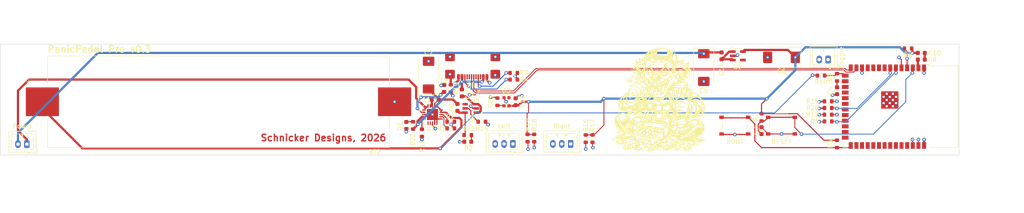
<source format=kicad_pcb>
(kicad_pcb (version 20241229) (generator "pcbnew") (generator_version "9.0")
  (title_block (title "ESPNOW Pedal") (date "2026-01-07") (rev "0.2") (company "Schnicker Designs"))
  (layers (0 "F.Cu" signal) (4 "In1.Cu" signal) (6 "In2.Cu" signal) (2 "B.Cu" signal) (13 "F.Paste" user) (15 "B.Paste" user) (5 "F.SilkS" user "F.Silkscreen") (7 "B.SilkS" user "B.Silkscreen") (1 "F.Mask" user) (3 "B.Mask" user) (25 "Edge.Cuts" user))
  (net 0 "")
  (net 1 "Net-(U1-PROG1)")
  (net 2 "Net-(U1-PROG3)")
  (net 25 "/GPIO8")
  (net 26 "/SHIELD")
  (net 27 "Net-(U6-ILIM)")
  (net 29 "Net-(C4-Pad2)")
  (net 30 "GND")
  (net 31 "Net-(J1-CC1)")
  (net 32 "Net-(J1-CC2)")
  (net 33 "/3V3")
  (net 34 "/VBAT")
  (net 35 "Net-(C10-Pad2)")
  (net 36 "Net-(U3-3V3)")
  (net 37 "Net-(U6-EN)")
  (net 38 "Net-(U2-EN)")
  (net 39 "unconnected-(U3-GPIO46-Pad16)")
  (net 40 "unconnected-(U3-GPIO45-Pad26)")
  (net 41 "unconnected-(U3-GPIO21-Pad23)")
  (net 42 "/GPIO1")
  (net 43 "/GPIO2")
  (net 44 "/GPIO3")
  (net 45 "/GPIO0")
  (net 46 "/GPIO7")
  (net 47 "/GPIO6")
  (net 48 "/GPIO5")
  (net 49 "/GPIO4{slash}LBO")
  (net 50 "/EN")
  (net 51 "/THERM")
  (net 52 "/MCP IN")
  (net 55 "/5V SWITCHED")
  (net 56 "/5V")
  (net 57 "/D+")
  (net 58 "/D-")
  (net 59 "unconnected-(U3-SPIIO7{slash}GPIO36{slash}FSPICLK{slash}SUBSPICLK-Pad29)")
  (net 60 "unconnected-(U3-SPIIO6{slash}GPIO35{slash}FSPID{slash}SUBSPID-Pad28)")
  (net 61 "/VBUS")
  (net 62 "Net-(D2-A)")
  (net 63 "Net-(D1-A)")
  (net 64 "Net-(U1-CE)")
  (net 65 "Net-(Pedal1-Pin_1)")
  (net 66 "Net-(Pedal1-Pin_3)")
  (net 67 "Net-(Pedal2-Pin_1)")
  (net 68 "Net-(Pedal2-Pin_3)")
  (net 69 "/TPS OUT")
  (net 70 "Net-(D3-DIN)")
  (footprint "Resistor_SMD:R_0603_1608Metric" (layer "F.Cu") (at 149.175 95.5 180)
    (property "Reference" "R4")
    (property "Value" "5.1kΩ" (hide yes))
  )
  (footprint "Resistor_SMD:R_0603_1608Metric" (layer "F.Cu") (at 153.8 108.675 -90)
    (property "Reference" "R18")
    (property "Value" "10kΩ" (hide yes))
  )
  (footprint "Resistor_SMD:R_0603_1608Metric" (layer "F.Cu") (at 220 103.4)
    (property "Reference" "R12")
    (property "Value" "100Ω" (hide yes))
  )
  (footprint "Resistor_SMD:R_0603_1608Metric" (layer "F.Cu") (at 222 110 -90)
    (property "Reference" "R6")
    (property "Value" "10kΩ" (hide yes))
  )
  (footprint "LED_SMD:LED_0603_1608Metric" (layer "F.Cu") (at 138.825 109.5)
    (property "Reference" "D2")
    (property "Value" "LED" (hide yes))
  )
  (footprint "Resistor_SMD:R_0603_1608Metric" (layer "F.Cu") (at 145.5 100.5 -90)
    (property "Reference" "R23")
    (property "Value" "220Ω" (hide yes))
  )
  (footprint "Resistor_SMD:R_0603_1608Metric" (layer "F.Cu") (at 166.924324 108.8 -90)
    (property "Reference" "R17")
    (property "Value" "10kΩ" (hide yes))
  )
  (footprint "Capacitor_SMD:C_0603_1608Metric" (layer "F.Cu") (at 241 91 180)
    (property "Reference" "C8")
    (property "Value" "0.1µF" (hide yes))
  )
  (footprint "Capacitor_SMD:C_0603_1608Metric" (layer "F.Cu") (at 136.5 101.775 90)
    (property "Reference" "C9")
    (property "Value" "10µF" (hide yes))
  )
  (footprint "1042P:BAT_1042P" (layer "F.Cu") (at 82.67 100.5 180)
    (property "Reference" "BT2")
    (property "Value" "1042P")
  )
  (footprint "Resistor_SMD:R_0603_1608Metric" (layer "F.Cu") (at 220.002277 104.917512 180)
    (property "Reference" "R5")
    (property "Value" "100Ω" (hide yes))
  )
  (footprint "Capacitor_Tantalum_SMD:CP_EIA-7343-31_Kemet-D" (layer "F.Cu") (at 192 92.8 -90)
    (property "Reference" "C5")
    (property "Value" "47µF" (hide yes))
  )
  (footprint "Capacitor_SMD:C_0603_1608Metric" (layer "F.Cu") (at 196 90.152451 -90)
    (property "Reference" "C14")
    (property "Value" "0.1µF" (hide yes))
  )
  (footprint "Resistor_SMD:R_0603_1608Metric" (layer "F.Cu") (at 220 101.9 180)
    (property "Reference" "R20")
    (property "Value" "100Ω" (hide yes))
  )
  (footprint "RF_Module:ESP32-S3-WROOM-1" (layer "F.Cu") (at 236.36 101.6 -90)
    (property "Reference" "U3" (hide yes))
    (property "Value" "ESP32-S3-WROOM-1" (hide yes))
  )
  (footprint "Capacitor_SMD:C_0603_1608Metric" (layer "F.Cu") (at 205 107 90)
    (property "Reference" "C7")
    (property "Value" "1µF" (hide yes))
  )
  (footprint "Button_Switch_SMD:SW_Push_1P1T_XKB_TS-1187A" (layer "F.Cu") (at 209.5 105.875 180)
    (property "Reference" "RESET1" (hide yes))
    (property "Value" "RESET" (hide yes))
  )
  (footprint "LED_SMD:LED_0603_1608Metric" (layer "F.Cu") (at 124.988946 105.827598 90)
    (property "Reference" "D1")
    (property "Value" "LED" (hide yes))
  )
  (footprint "Capacitor_SMD:C_0603_1608Metric" (layer "F.Cu") (at 222.009459 98.019596 90)
    (property "Reference" "C4")
    (property "Value" "0.1µF" (hide yes))
  )
  (footprint "Capacitor_SMD:C_0603_1608Metric" (layer "F.Cu") (at 149.606141 100.494406 90)
    (property "Reference" "C13")
    (property "Value" "0.1µF" (hide yes))
  )
  (footprint "Resistor_SMD:R_0603_1608Metric" (layer "F.Cu") (at 126.5 105.825 90)
    (property "Reference" "R22")
    (property "Value" "2.2kΩ" (hide yes))
  )
  (footprint "Connector_JST:JST_PH_B2B-PH-K_1x02_P2.00mm_Vertical" (layer "F.Cu") (at 39.5 110.05 180)
    (property "Reference" "SW1" (hide yes))
    (property "Value" "SW_SPST" (hide yes))
  )
  (footprint "Resistor_SMD:R_0603_1608Metric" (layer "F.Cu") (at 149.175 94 180)
    (property "Reference" "R3")
    (property "Value" "5.1kΩ" (hide yes))
  )
  (footprint "Resistor_SMD:R_0603_1608Metric" (layer "F.Cu") (at 152.3 108.675 90)
    (property "Reference" "R19")
    (property "Value" "10kΩ" (hide yes))
  )
  (footprint "Connector_JST:JST_PH_B2B-PH-K_1x02_P2.00mm_Vertical" (layer "F.Cu") (at 220 91 180)
    (property "Reference" "SW2" (hide yes))
    (property "Value" "SW_SPST" (hide yes))
  )
  (footprint "Package_DFN_QFN:QFN-20-1EP_4x4mm_P0.5mm_EP2.5x2.5mm" (layer "F.Cu") (at 130.875 103.375)
    (property "Reference" "U1")
    (property "Value" "MCP73871" (hide yes))
  )
  (footprint "Capacitor_Tantalum_SMD:CP_EIA-7343-31_Kemet-D" (layer "F.Cu") (at 130 94.5 90)
    (property "Reference" "C2")
    (property "Value" "47µF" (hide yes))
  )
  (footprint "Resistor_SMD:R_0603_1608Metric" (layer "F.Cu") (at 218.4 94.6)
    (property "Reference" "R10")
    (property "Value" "360kΩ" (hide yes))
  )
  (footprint "TPS2553DBVR:SOT95P280X145-6N" (layer "F.Cu") (at 139.5 102 180)
    (property "Reference" "U6")
    (property "Value" "TPS2553DBVR" (hide yes))
  )
  (footprint "Capacitor_SMD:C_0603_1608Metric" (layer "F.Cu") (at 241 89.5)
    (property "Reference" "C10")
    (property "Value" "1µF" (hide yes))
  )
  (footprint "Button_Switch_SMD:SW_Push_1P1T_XKB_TS-1187A" (layer "F.Cu") (at 199 105.875)
    (property "Reference" "BOOT1" (hide yes))
    (property "Value" "BOOT" (hide yes))
  )
  (footprint "Resistor_SMD:R_0603_1608Metric" (layer "F.Cu") (at 165.4 108.8 90)
    (property "Reference" "R16")
    (property "Value" "10kΩ" (hide yes))
  )
  (footprint "Capacitor_Tantalum_SMD:CP_EIA-7343-31_Kemet-D" (layer "F.Cu") (at 209.5 90.5 180)
    (property "Reference" "C6")
    (property "Value" "100µF" (hide yes))
  )
  (footprint "Resistor_SMD:R_0603_1608Metric" (layer "F.Cu") (at 222 95 90)
    (property "Reference" "R9")
    (property "Value" "100kΩ" (hide yes))
  )
  (footprint "Resistor_SMD:R_0603_1608Metric" (layer "F.Cu") (at 135 106.5)
    (property "Reference" "R2")
    (property "Value" "20kΩ" (hide yes))
  )
  (footprint "Resistor_SMD:R_0603_1608Metric" (layer "F.Cu") (at 135 97.5 -90)
    (property "Reference" "R13")
    (property "Value" "0Ω" (hide yes))
  )
  (footprint "Resistor_SMD:R_0603_1608Metric" (layer "F.Cu") (at 138.825 108)
    (property "Reference" "R21")
    (property "Value" "2.2kΩ" (hide yes))
  )
  (footprint "Connector_JST:JST_PH_B3B-PH-K_1x03_P2.00mm_Vertical" (layer "F.Cu") (at 162 110 180)
    (property "Reference" "Pedal2" (hide yes))
    (property "Value" "Conn_01x03" (hide yes))
  )
  (footprint "Resistor_SMD:R_0603_1608Metric" (layer "F.Cu") (at 128.5 107.5 -90)
    (property "Reference" "R11")
    (property "Value" "10kΩ" (hide yes))
  )
  (footprint "Resistor_SMD:R_0603_1608Metric" (layer "F.Cu") (at 142 105)
    (property "Reference" "R14")
    (property "Value" "49.9k" (hide yes))
  )
  (footprint "Connector_USB:USB_C_Receptacle_GCT_USB4110" (layer "F.Cu") (at 139.931084 91.194269 180)
    (property "Reference" "J1")
    (property "Value" "USB_C_Receptacle_USB2.0_14P" (hide yes))
  )
  (footprint "Package_TO_SOT_SMD:SOT-23-5" (layer "F.Cu") (at 199.6625 90.15)
    (property "Reference" "U2")
    (property "Value" "TLV75733PDBV" (hide yes))
  )
  (footprint "Capacitor_SMD:C_0603_1608Metric" (layer "F.Cu") (at 133.5 97.5 90)
    (property "Reference" "C3")
    (property "Value" "0.1µF" (hide yes))
  )
  (footprint "Resistor_SMD:R_0603_1608Metric" (layer "F.Cu") (at 220 100.4)
    (property "Reference" "R15")
    (property "Value" "100Ω" (hide yes))
  )
  (footprint "Package_TO_SOT_SMD:Texas_DRT-3" (layer "F.Cu") (at 140.5 98.5 180)
    (property "Reference" "U4" (hide yes))
    (property "Value" "TPD2EUSB30" (hide yes))
  )
  (footprint "Capacitor_SMD:C_0603_1608Metric" (layer "F.Cu") (at 131.5 100 180)
    (property "Reference" "C11")
    (property "Value" "0.1µF" (hide yes))
  )
  (footprint "Resistor_SMD:R_0603_1608Metric" (layer "F.Cu") (at 238 88.5 180)
    (property "Reference" "R8")
    (property "Value" "10kΩ" (hide yes))
  )
  (footprint "Resistor_SMD:R_0603_1608Metric" (layer "F.Cu") (at 205 104 -90)
    (property "Reference" "R7")
    (property "Value" "10kΩ" (hide yes))
  )
  (footprint "Resistor_SMD:R_0603_1608Metric" (layer "F.Cu") (at 135 105)
    (property "Reference" "R1")
    (property "Value" "2.0kΩ" (hide yes))
  )
  (footprint "Connector_JST:JST_PH_B3B-PH-K_1x03_P2.00mm_Vertical" (layer "F.Cu") (at 149 110 180)
    (property "Reference" "Pedal1" (hide yes))
    (property "Value" "Conn_01x03" (hide yes))
  )
  (footprint "Capacitor_SMD:C_0603_1608Metric" (layer "F.Cu") (at 137.5 98.5 -90)
    (property "Reference" "C12")
    (property "Value" "0.1µF" (hide yes))
  )
  (footprint "LED_SMD:LED_WS2812B-2020_PLCC4_2.0x2.0mm" (layer "F.Cu") (at 147.55 100.5 -90)
    (property "Reference" "D3")
    (property "Value" "WS2812B-2020" (hide yes))
  )
  (gr_poly (pts (xy 186.618477 110.372289) (xy 186.641406 110.374313) (xy 186.66591 110.37751) (xy 186.691491 110.381734) (xy 186.71765 110.386841) (xy 186.743889 110.392686) (xy 186.76971 110.399123) (xy 186.794613 110.406008) (xy 186.818102 110.413196) (xy 186.839676 110.420541) (xy 186.858838 110.4279) (xy 186.87509 110.435127) (xy 186.887932 110.442076) (xy 186.896867 110.448604) (xy 186.899714 110.451664) (xy 186.901396 110.454565) (xy 186.901853 110.457288) (xy 186.90102 110.459814) (xy 186.900489 110.460716) (xy 186.900016 110.461607) (xy 186.8996 110.462485) (xy 186.899242 110.46335) (xy 186.89894 110.464199) (xy 186.898695 110.465033) (xy 186.898505 110.46585) (xy 186.89837 110.466648) (xy 186.898289 110.467427) (xy 186.898262 110.468186) (xy 186.898288 110.468923) (xy 186.898367 110.469637) (xy 186.898497 110.470327) (xy 186.89868 110.470993) (xy 186.898913 110.471632) (xy 186.899196 110.472244) (xy 186.899529 110.472828) (xy 186.899911 110.473382) (xy 186.900341 110.473906) (xy 186.90082 110.474398) (xy 186.901346 110.474857) (xy 186.901919 110.475282) (xy 186.902537 110.475672) (xy 186.903202 110.476026) (xy 186.903912 110.476342) (xy 186.904666 110.47662) (xy 186.905464 110.476858) (xy 186.906305 110.477055) (xy 186.907189 110.477211) (xy 186.908115 110.477323) (xy 186.909083 110.477391) (xy 186.910092 110.477414) (xy 186.91436 110.477731) (xy 186.91831 110.478663) (xy 186.921944 110.480181) (xy 186.925265 110.482255) (xy 186.928274 110.484857) (xy 186.930972 110.487958) (xy 186.933363 110.491528) (xy 186.935448 110.495538) (xy 186.937228 110.499959) (xy 186.938707 110.504763) (xy 186.939885 110.50992) (xy 186.940765 110.5154) (xy 186.941348 110.521176) (xy 186.941637 110.527217) (xy 186.941633 110.533496) (xy 186.941339 110.539981) (xy 186.940756 110.546646) (xy 186.939887 110.55346) (xy 186.938732 110.560394) (xy 186.937295 110.56742) (xy 186.935577 110.574508) (xy 186.933581 110.581629) (xy 186.931307 110.588754) (xy 186.928758 110.595854) (xy 186.925936 110.602901) (xy 186.922842 110.609864) (xy 186.91948 110.616714) (xy 186.91585 110.623424) (xy 186.911955 110.629963) (xy 186.907796 110.636302) (xy 186.903376 110.642413) (xy 186.898696 110.648266) (xy 186.890672 110.657571) (xy 186.883007 110.665927) (xy 186.875582 110.673383) (xy 186.871923 110.676788) (xy 186.868281 110.679986) (xy 186.864641 110.682983) (xy 186.860988 110.685785) (xy 186.857308 110.688397) (xy 186.853586 110.690826) (xy 186.849808 110.693079) (xy 186.845958 110.69516) (xy 186.842023 110.697075) (xy 186.837988 110.698832) (xy 186.833838 110.700435) (xy 186.829558 110.701891) (xy 186.825134 110.703206) (xy 186.820552 110.704386) (xy 186.815797 110.705436) (xy 186.810854 110.706363) (xy 186.805708 110.707173) (xy 186.800346 110.707871) (xy 186.788912 110.708958) (xy 186.776434 110.709671) (xy 186.762798 110.71006) (xy 186.747884 110.710171) (xy 186.736 110.709981) (xy 186.72418 110.709417) (xy 186.712442 110.708482) (xy 186.700802 110.707181) (xy 186.689279 110.705519) (xy 186.677888 110.703501) (xy 186.666649 110.701131) (xy 186.655578 110.698415) (xy 186.644692 110.695357) (xy 186.634009 110.691962) (xy 186.623546 110.688235) (xy 186.613321 110.68418) (xy 186.60335 110.679803) (xy 186.593652 110.675108) (xy 186.584243 110.670099) (xy 186.575142 110.664782) (xy 186.57514 110.664782) (xy 186.558854 110.655292) (xy 186.540947 110.645684) (xy 186.522004 110.636222) (xy 186.502611 110.627172) (xy 186.483355 110.618797) (xy 186.464821 110.611362) (xy 186.447595 110.605131) (xy 186.439656 110.60255) (xy 186.432264 110.600368) (xy 186.424246 110.598017) (xy 186.41675 110.59556) (xy 186.409776 110.592991) (xy 186.403325 110.590304) (xy 186.397398 110.587494) (xy 186.391993 110.584554) (xy 186.387111 110.581479) (xy 186.382753 110.578263) (xy 186.378918 110.5749) (xy 186.375607 110.571384) (xy 186.372819 110.567709) (xy 186.370555 110.56387) (xy 186.368814 110.559861) (xy 186.367598 110.555675) (xy 186.366906 110.551308) (xy 186.366738 110.546752) (xy 186.367094 110.542003) (xy 186.367975 110.537055) (xy 186.369381 110.531901) (xy 186.371311 110.526535) (xy 186.373766 110.520953) (xy 186.376745 110.515148) (xy 186.38025 110.509114) (xy 186.38428 110.502845) (xy 186.388836 110.496336) (xy 186.393916 110.489581) (xy 186.399522 110.482573) (xy 186.405654 110.475308) (xy 186.412312 110.467779) (xy 186.419496 110.45998) (xy 186.427205 110.451905) (xy 186.435441 110.44355) (xy 186.446222 110.432964) (xy 186.456393 110.423423) (xy 186.466066 110.414876) (xy 186.475352 110.407274) (xy 186.484366 110.400567) (xy 186.493218 110.394705) (xy 186.502022 110.389638) (xy 186.510889 110.385317) (xy 186.515382 110.383419) (xy 186.519933 110.38169) (xy 186.529266 110.378709) (xy 186.539 110.376323) (xy 186.549248 110.374483) (xy 186.560121 110.373139) (xy 186.571733 110.372241) (xy 186.584196 110.371738) (xy 186.597622 110.371582)) (stroke (width 0.016)) (fill yes) (layer "F.SilkS"))
  (gr_poly (pts (xy 190.018602 104.214702) (xy 190.034819 104.215401) (xy 190.049703 104.216546) (xy 190.062732 104.218134) (xy 190.067964 104.219028) (xy 190.070038 104.219465) (xy 190.071756 104.219894) (xy 190.073124 104.220316) (xy 190.074144 104.220729) (xy 190.074823 104.221133) (xy 190.075164 104.221527) (xy 190.075209 104.221721) (xy 190.075172 104.221912) (xy 190.075052 104.2221) (xy 190.074851 104.222285) (xy 190.074205 104.222648) (xy 190.07324 104.222999) (xy 190.071958 104.223337) (xy 190.070366 104.223663) (xy 190.066266 104.224273) (xy 190.060975 104.224826) (xy 190.054528 104.225316) (xy 190.046961 104.225739) (xy 190.038309 104.226091) (xy 190.028607 104.226368) (xy 190.017892 104.226564) (xy 190.006199 104.226677) (xy 189.993562 104.2267) (xy 189.969462 104.22648) (xy 189.949708 104.225937) (xy 189.934537 104.225108) (xy 189.924187 104.224028) (xy 189.920893 104.223406) (xy 189.918894 104.222734) (xy 189.918389 104.222381) (xy 189.918218 104.222017) (xy 189.918386 104.221643) (xy 189.918896 104.22126) (xy 189.920956 104.220467) (xy 189.924429 104.219643) (xy 189.929345 104.218792) (xy 189.935732 104.217918) (xy 189.950807 104.216377) (xy 189.967152 104.215286) (xy 189.984247 104.214643) (xy 190.00157 104.214449)) (stroke (width 0.016)) (fill yes) (layer "F.SilkS"))
  (gr_poly (pts (xy 176.157921 97.16427) (xy 176.17991 97.16623) (xy 176.203121 97.16937) (xy 176.227228 97.173586) (xy 176.25191 97.178773) (xy 176.276841 97.184827) (xy 176.3017 97.191644) (xy 176.326161 97.199121) (xy 176.349902 97.207152) (xy 176.372598 97.215635) (xy 176.393927 97.224464) (xy 176.413565 97.233537) (xy 176.431188 97.242747) (xy 176.446473 97.251993) (xy 176.459096 97.261168) (xy 176.468734 97.270171) (xy 176.476497 97.278753) (xy 176.483041 97.286188) (xy 176.485774 97.289473) (xy 176.488102 97.292468) (xy 176.489993 97.295174) (xy 176.491415 97.297589) (xy 176.492334 97.299713) (xy 176.492594 97.300665) (xy 176.492717 97.301545) (xy 176.492697 97.302351) (xy 176.49253 97.303084) (xy 176.492214 97.303743) (xy 176.491742 97.304329) (xy 176.491112 97.304841) (xy 176.490319 97.30528) (xy 176.48936 97.305645) (xy 176.488229 97.305937) (xy 176.485437 97.306298) (xy 176.481911 97.306362) (xy 176.477619 97.30613) (xy 176.472526 97.3056) (xy 176.466601 97.304771) (xy 176.459809 97.303644) (xy 176.452119 97.302216) (xy 176.443496 97.300488) (xy 176.423324 97.296128) (xy 176.399027 97.290557) (xy 176.370342 97.283769) (xy 176.298753 97.266523) (xy 176.263999 97.257728) (xy 176.231819 97.248791) (xy 176.202366 97.23981) (xy 176.175795 97.230884) (xy 176.152259 97.222109) (xy 176.13191 97.213584) (xy 176.114902 97.205407) (xy 176.101389 97.197675) (xy 176.091523 97.190486) (xy 176.088006 97.187126) (xy 176.085458 97.183938) (xy 176.083899 97.180935) (xy 176.083348 97.178129) (xy 176.083823 97.175533) (xy 176.085345 97.173157) (xy 176.087932 97.171016) (xy 176.091603 97.16912) (xy 176.096378 97.167482) (xy 176.102275 97.166115) (xy 176.117515 97.16424) (xy 176.137476 97.163593)) (stroke (width 0.016)) (fill yes) (layer "F.SilkS"))
  (gr_poly (pts (xy 183.284243 98.33484) (xy 183.285155 98.334907) (xy 183.286092 98.335036) (xy 183.287052 98.335226) (xy 183.288034 98.335479) (xy 183.289037 98.335796) (xy 183.290059 98.336176) (xy 183.291098 98.33662) (xy 183.292154 98.33713) (xy 183.293225 98.337705) (xy 183.29431 98.338346) (xy 183.296466 98.339727) (xy 183.298562 98.341164) (xy 183.300587 98.342646) (xy 183.302529 98.344162) (xy 183.304378 98.345699) (xy 183.306124 98.347247) (xy 183.307754 98.348793) (xy 183.309259 98.350327) (xy 183.310628 98.351837) (xy 183.31185 98.353311) (xy 183.312913 98.354737) (xy 183.313807 98.356106) (xy 183.314521 98.357404) (xy 183.315045 98.35862) (xy 183.315232 98.359195) (xy 183.315367 98.359744) (xy 183.31545 98.360267) (xy 183.315477 98.360763) (xy 183.31545 98.361241) (xy 183.315367 98.361713) (xy 183.315232 98.362179) (xy 183.315045 98.362637) (xy 183.314808 98.363088) (xy 183.314521 98.36353) (xy 183.314187 98.363963) (xy 183.313807 98.364387) (xy 183.313382 98.3648) (xy 183.312913 98.365202) (xy 183.312402 98.365593) (xy 183.31185 98.365972) (xy 183.311258 98.366338) (xy 183.310628 98.366691) (xy 183.309962 98.36703) (xy 183.309259 98.367354) (xy 183.308523 98.367664) (xy 183.307754 98.367958) (xy 183.306954 98.368236) (xy 183.306124 98.368496) (xy 183.305265 98.36874) (xy 183.304378 98.368965) (xy 183.303466 98.369172) (xy 183.302529 98.36936) (xy 183.301569 98.369527) (xy 183.300587 98.369675) (xy 183.299584 98.369801) (xy 183.298562 98.369906) (xy 183.297523 98.369988) (xy 183.296466 98.370048) (xy 183.295395 98.370084) (xy 183.29431 98.370096) (xy 183.293225 98.370067) (xy 183.292154 98.36998) (xy 183.291098 98.369837) (xy 183.290059 98.369639) (xy 183.289037 98.369387) (xy 183.288034 98.369084) (xy 183.287052 98.36873) (xy 183.286092 98.368327) (xy 183.285155 98.367877) (xy 183.284243 98.36738) (xy 183.283357 98.366839) (xy 183.282498 98.366255) (xy 183.281667 98.365628) (xy 183.280867 98.364961) (xy 183.280098 98.364255) (xy 183.279362 98.363512) (xy 183.27866 98.362732) (xy 183.277994 98.361918) (xy 183.277364 98.36107) (xy 183.276772 98.360191) (xy 183.27622 98.359281) (xy 183.275709 98.358343) (xy 183.27524 98.357376) (xy 183.274815 98.356384) (xy 183.274434 98.355367) (xy 183.2741 98.354327) (xy 183.273814 98.353265) (xy 183.273577 98.352183) (xy 183.27339 98.351082) (xy 183.273254 98.349964) (xy 183.273172 98.348829) (xy 183.273144 98.34768) (xy 183.273172 98.346548) (xy 183.273254 98.345465) (xy 183.27339 98.34443) (xy 183.273577 98.343444) (xy 183.273814 98.342509) (xy 183.2741 98.341624) (xy 183.274434 98.340791) (xy 183.274815 98.340009) (xy 183.27524 98.33928) (xy 183.275709 98.338603) (xy 183.27622 98.337981) (xy 183.276772 98.337412) (xy 183.277364 98.336898) (xy 183.277994 98.33644) (xy 183.27866 98.336038) (xy 183.279362 98.335692) (xy 183.280098 98.335404) (xy 183.280867 98.335173) (xy 183.281667 98.335) (xy 183.282498 98.334887) (xy 183.283357 98.334833)) (stroke (width 0.016)) (fill yes) (layer "F.SilkS"))
  (gr_poly (pts (xy 184.672415 100.550287) (xy 184.673423 100.55037) (xy 184.674417 100.550505) (xy 184.675395 100.550692) (xy 184.676357 100.550929) (xy 184.6773 100.551216) (xy 184.678224 100.55155) (xy 184.679128 100.55193) (xy 184.680009 100.552355) (xy 184.680868 100.552824) (xy 184.681702 100.553335) (xy 184.68251 100.553887) (xy 184.683292 100.554479) (xy 184.684045 100.555109) (xy 184.684768 100.555775) (xy 184.685461 100.556478) (xy 184.686122 100.557214) (xy 184.686749 100.557983) (xy 184.687342 100.558783) (xy 184.687898 100.559613) (xy 184.688418 100.560472) (xy 184.688899 100.561359) (xy 184.68934 100.562271) (xy 184.689741 100.563208) (xy 184.690098 100.564168) (xy 184.690413 100.56515) (xy 184.690682 100.566153) (xy 184.690906 100.567175) (xy 184.691082 100.568214) (xy 184.691209 100.569271) (xy 184.691286 100.570342) (xy 184.691312 100.571427) (xy 184.691269 100.572512) (xy 184.691141 100.573583) (xy 184.69093 100.574639) (xy 184.690639 100.575679) (xy 184.690269 100.576701) (xy 184.689822 100.577703) (xy 184.689301 100.578685) (xy 184.688708 100.579645) (xy 184.688045 100.580582) (xy 184.687314 100.581495) (xy 184.686517 100.582381) (xy 184.685656 100.58324) (xy 184.684734 100.584071) (xy 184.683752 100.584871) (xy 184.682713 100.58564) (xy 184.681618 100.586376) (xy 184.68047 100.587078) (xy 184.679271 100.587745) (xy 184.678024 100.588374) (xy 184.676729 100.588966) (xy 184.67539 100.589518) (xy 184.674008 100.590029) (xy 184.672586 100.590498) (xy 184.671125 100.590924) (xy 184.669628 100.591304) (xy 184.668097 100.591638) (xy 184.666534 100.591924) (xy 184.664941 100.592162) (xy 184.66332 100.592349) (xy 184.661673 100.592484) (xy 184.660003 100.592566) (xy 184.658312 100.592594) (xy 184.656637 100.592566) (xy 184.655018 100.592484) (xy 184.653455 100.592349) (xy 184.65195 100.592162) (xy 184.650504 100.591924) (xy 184.649117 100.591638) (xy 184.647793 100.591304) (xy 184.646531 100.590924) (xy 184.645333 100.590498) (xy 184.644201 100.590029) (xy 184.643135 100.589518) (xy 184.642137 100.588966) (xy 184.641208 100.588374) (xy 184.640349 100.587745) (xy 184.639563 100.587078) (xy 184.638849 100.586376) (xy 184.638209 100.58564) (xy 184.637645 100.584871) (xy 184.637158 100.584071) (xy 184.636749 100.58324) (xy 184.636419 100.582381) (xy 184.63617 100.581495) (xy 184.636003 100.580582) (xy 184.635919 100.579645) (xy 184.635919 100.578685) (xy 184.636005 100.577703) (xy 184.636179 100.576701) (xy 184.63644 100.575679) (xy 184.636791 100.574639) (xy 184.637233 100.573583) (xy 184.637767 100.572512) (xy 184.638395 100.571427) (xy 184.639831 100.569271) (xy 184.641429 100.567175) (xy 184.643173 100.56515) (xy 184.645046 100.563208) (xy 184.64703 100.561359) (xy 184.649109 100.559613) (xy 184.651266 100.557983) (xy 184.653484 100.556478) (xy 184.655746 100.555109) (xy 184.658035 100.553887) (xy 184.660335 100.552824) (xy 184.662628 100.55193) (xy 184.664897 100.551216) (xy 184.666017 100.550929) (xy 184.667126 100.550692) (xy 184.66822 100.550505) (xy 184.669297 100.55037) (xy 184.670356 100.550287) (xy 184.671394 100.55026)) (stroke (width 0.016)) (fill yes) (layer "F.SilkS"))
  (gr_poly (pts (xy 189.504597 111.064791) (xy 189.505122 111.065166) (xy 189.505455 111.065782) (xy 189.505598 111.06664) (xy 189.505551 111.067738) (xy 189.505317 111.069076) (xy 189.504896 111.070654) (xy 189.503499 111.074524) (xy 189.501367 111.079345) (xy 189.498512 111.085112) (xy 189.49463 111.092235) (xy 189.490335 111.09932) (xy 189.48561 111.10638) (xy 189.480433 111.113428) (xy 189.474785 111.120476) (xy 189.468647 111.127536) (xy 189.461999 111.134621) (xy 189.454822 111.141743) (xy 189.447096 111.148915) (xy 189.438801 111.15615) (xy 189.429918 111.163459) (xy 189.420427 111.170855) (xy 189.399543 111.18596) (xy 189.375993 111.201564) (xy 189.34962 111.217767) (xy 189.320268 111.234667) (xy 189.28778 111.252367) (xy 189.251998 111.270964) (xy 189.212767 111.29056) (xy 189.16993 111.311253) (xy 189.123331 111.333144) (xy 189.072811 111.356333) (xy 188.835649 111.46286) (xy 188.636395 111.549318) (xy 188.469942 111.617482) (xy 188.331185 111.669123) (xy 188.215017 111.706017) (xy 188.163807 111.719487) (xy 188.11633 111.729935) (xy 188.071947 111.737583) (xy 188.03002 111.742653) (xy 187.98991 111.745365) (xy 187.950979 111.745942) (xy 187.922601 111.745348) (xy 187.894697 111.744226) (xy 187.86798 111.742643) (xy 187.843162 111.740663) (xy 187.820956 111.73835) (xy 187.802076 111.735769) (xy 187.787235 111.732986) (xy 187.781551 111.731539) (xy 187.777145 111.730066) (xy 187.777145 111.730063) (xy 187.775542 111.729323) (xy 187.774464 111.728588) (xy 187.773901 111.727858) (xy 187.773843 111.727134) (xy 187.77428 111.726417) (xy 187.775201 111.725709) (xy 187.776597 111.72501) (xy 187.778457 111.724322) (xy 187.783528 111.722982) (xy 187.790335 111.721696) (xy 187.798794 111.720474) (xy 187.808825 111.719323) (xy 187.820347 111.718252) (xy 187.833278 111.717269) (xy 187.847536 111.716383) (xy 187.863041 111.715602) (xy 187.879711 111.714935) (xy 187.897464 111.71439) (xy 187.916219 111.713975) (xy 187.935895 111.713698) (xy 187.994211 111.712525) (xy 188.020361 111.711438) (xy 188.04498 111.709925) (xy 188.068425 111.707917) (xy 188.091052 111.705346) (xy 188.113216 111.702142) (xy 188.135275 111.698237) (xy 188.157584 111.693562) (xy 188.1805 111.688047) (xy 188.204378 111.681624) (xy 188.229576 111.674224) (xy 188.285354 111.656216) (xy 188.350684 111.633471) (xy 188.398989 111.615788) (xy 188.452084 111.595491) (xy 188.5657 111.549924) (xy 188.677642 111.502495) (xy 188.728643 111.479873) (xy 188.774017 111.458933) (xy 188.861016 111.418367) (xy 188.947429 111.379092) (xy 189.023263 111.345591) (xy 189.078527 111.322346) (xy 189.143391 111.295472) (xy 189.202854 111.268777) (xy 189.257021 111.242201) (xy 189.282152 111.228938) (xy 189.306 111.215681) (xy 189.328577 111.202424) (xy 189.349898 111.189158) (xy 189.369975 111.175876) (xy 189.388822 111.162569) (xy 189.406452 111.149232) (xy 189.422879 111.135855) (xy 189.438116 111.122431) (xy 189.452176 111.108952) (xy 189.469257 111.092142) (xy 189.476529 111.085249) (xy 189.482966 111.079358) (xy 189.48858 111.074465) (xy 189.493378 111.070564) (xy 189.497369 111.06765) (xy 189.500564 111.06572) (xy 189.501865 111.065122) (xy 189.50297 111.064769) (xy 189.503881 111.064658)) (stroke (width 0.016)) (fill yes) (layer "F.SilkS"))
  (gr_poly (pts (xy 178.121677 110.331708) (xy 178.140239 110.332964) (xy 178.158586 110.334991) (xy 178.176573 110.337788) (xy 178.194055 110.341356) (xy 178.210888 110.345692) (xy 178.226928 110.350796) (xy 178.242029 110.356667) (xy 178.301501 110.382173) (xy 178.257078 110.429797) (xy 178.251937 110.435137) (xy 178.246789 110.44013) (xy 178.241619 110.444776) (xy 178.236412 110.449075) (xy 178.231154 110.453026) (xy 178.225829 110.45663) (xy 178.220423 110.459886) (xy 178.214921 110.462795) (xy 178.209308 110.465356) (xy 178.203569 110.467569) (xy 178.197689 110.469434) (xy 178.191654 110.470951) (xy 178.185448 110.472119) (xy 178.179057 110.47294) (xy 178.172466 110.473412) (xy 178.16566 110.473535) (xy 178.158624 110.47331) (xy 178.151343 110.472736) (xy 178.143803 110.471813) (xy 178.135989 110.470541) (xy 178.127885 110.46892) (xy 178.119477 110.46695) (xy 178.11075 110.46463) (xy 178.10169 110.461962) (xy 178.092281 110.458943) (xy 178.082508 110.455575) (xy 178.061813 110.44779) (xy 178.039486 110.438605) (xy 178.015408 110.42802) (xy 178.015408 110.428012) (xy 177.91176 110.381208) (xy 177.968778 110.355229) (xy 177.982773 110.349511) (xy 177.997854 110.344571) (xy 178.013876 110.340408) (xy 178.030695 110.337021) (xy 178.048165 110.33441) (xy 178.066144 110.332574) (xy 178.084485 110.331512) (xy 178.103044 110.331223)) (stroke (width 0.016)) (fill yes) (layer "F.SilkS"))
  (gr_poly (pts (xy 177.953962 92.382686) (xy 177.957171 92.383018) (xy 177.960261 92.383594) (xy 177.961753 92.383975) (xy 177.963206 92.384421) (xy 177.964617 92.384928) (xy 177.965881 92.38546) (xy 177.966998 92.386015) (xy 177.96797 92.386592) (xy 177.968797 92.387189) (xy 177.969481 92.387805) (xy 177.970022 92.38844) (xy 177.97024 92.388764) (xy 177.970423 92.389092) (xy 177.970571 92.389424) (xy 177.970684 92.389759) (xy 177.970763 92.390099) (xy 177.970807 92.390442) (xy 177.970817 92.390788) (xy 177.970793 92.391137) (xy 177.970734 92.39149) (xy 177.970642 92.391845) (xy 177.970356 92.392565) (xy 177.969936 92.393294) (xy 177.969384 92.394032) (xy 177.9687 92.394777) (xy 177.967886 92.395529) (xy 177.966943 92.396287) (xy 177.965872 92.397048) (xy 177.964674 92.397812) (xy 177.963351 92.398579) (xy 177.961903 92.399345) (xy 177.960332 92.400111) (xy 177.958639 92.400876) (xy 177.956825 92.401637) (xy 177.954891 92.402394) (xy 177.952839 92.403146) (xy 177.950669 92.403891) (xy 177.948383 92.404629) (xy 177.945982 92.405358) (xy 177.943468 92.406077) (xy 177.94084 92.406784) (xy 177.934554 92.40837) (xy 177.928895 92.409674) (xy 177.923859 92.410695) (xy 177.919441 92.411431) (xy 177.915637 92.411881) (xy 177.912442 92.412043) (xy 177.909853 92.411917) (xy 177.908785 92.411745) (xy 177.907865 92.4115) (xy 177.907095 92.411182) (xy 177.906474 92.41079) (xy 177.906001 92.410326) (xy 177.905675 92.409788) (xy 177.905496 92.409176) (xy 177.905464 92.40849) (xy 177.905578 92.407731) (xy 177.905837 92.406897) (xy 177.90624 92.405988) (xy 177.906788 92.405005) (xy 177.908315 92.402814) (xy 177.910413 92.400323) (xy 177.913076 92.39753) (xy 177.913077 92.39753) (xy 177.915499 92.3953) (xy 177.918136 92.393226) (xy 177.920962 92.391316) (xy 177.923951 92.389577) (xy 177.927078 92.388014) (xy 177.930316 92.386634) (xy 177.933641 92.385446) (xy 177.937027 92.384454) (xy 177.940447 92.383666) (xy 177.943876 92.383088) (xy 177.947289 92.382728) (xy 177.95066 92.382592)) (stroke (width 0.016)) (fill yes) (layer "F.SilkS"))
  (gr_poly (pts (xy 179.025611 102.556777) (xy 179.03004 102.557679) (xy 179.0341 102.559159) (xy 179.037807 102.561224) (xy 179.041175 102.563881) (xy 179.044219 102.567136) (xy 179.046953 102.570995) (xy 179.049392 102.575467) (xy 179.05155 102.580556) (xy 179.053444 102.586271) (xy 179.055086 102.592617) (xy 179.056491 102.599601) (xy 179.057675 102.60723) (xy 179.059436 102.624451) (xy 179.060487 102.644332) (xy 179.060943 102.666926) (xy 179.061325 102.682771) (xy 179.06218 102.699417) (xy 179.063455 102.716365) (xy 179.065095 102.733119) (xy 179.067045 102.74918) (xy 179.069251 102.764051) (xy 179.071659 102.777235) (xy 179.074214 102.788233) (xy 179.075066 102.791891) (xy 179.075657 102.79558) (xy 179.07597 102.799322) (xy 179.07599 102.803137) (xy 179.075703 102.807044) (xy 179.075091 102.811064) (xy 179.07414 102.815217) (xy 179.072835 102.819523) (xy 179.071159 102.824002) (xy 179.069098 102.828674) (xy 179.066635 102.833559) (xy 179.063756 102.838678) (xy 179.060445 102.844051) (xy 179.056685 102.849697) (xy 179.052463 102.855638) (xy 179.047762 102.861892) (xy 179.042566 102.86848) (xy 179.036861 102.875422) (xy 179.023859 102.89045) (xy 179.008633 102.907135) (xy 178.991057 102.92564) (xy 178.971009 102.946124) (xy 178.948363 102.96875) (xy 178.922997 102.993677) (xy 178.894785 103.021067) (xy 178.842322 103.072669) (xy 178.818933 103.096473) (xy 178.797245 103.119189) (xy 178.777115 103.141) (xy 178.758399 103.162091) (xy 178.740952 103.182644) (xy 178.72463 103.202842) (xy 178.709289 103.222868) (xy 178.694785 103.242906) (xy 178.680973 103.26314) (xy 178.66771 103.283751) (xy 178.65485 103.304924) (xy 178.642251 103.326841) (xy 178.629767 103.349686) (xy 178.617254 103.373642) (xy 178.600091 103.407724) (xy 178.584079 103.440568) (xy 178.569569 103.471379) (xy 178.556911 103.499364) (xy 178.546456 103.523729) (xy 178.538555 103.543681) (xy 178.533557 103.558425) (xy 178.532256 103.563597) (xy 178.531813 103.567169) (xy 178.531769 103.568547) (xy 178.531639 103.569941) (xy 178.531425 103.571349) (xy 178.531129 103.572767) (xy 178.530754 103.574193) (xy 178.530301 103.575625) (xy 178.529773 103.57706) (xy 178.529171 103.578496) (xy 178.527756 103.58136) (xy 178.526075 103.584195) (xy 178.524143 103.586983) (xy 178.521978 103.589702) (xy 178.519597 103.592333) (xy 178.517018 103.594855) (xy 178.514257 103.597249) (xy 178.511332 103.599494) (xy 178.50826 103.601569) (xy 178.505058 103.603455) (xy 178.501743 103.605131) (xy 178.498332 103.606578) (xy 178.490235 103.608972) (xy 178.479501 103.611026) (xy 178.46642 103.612742) (xy 178.45128 103.614122) (xy 178.43437 103.615167) (xy 178.415981 103.615879) (xy 178.375918 103.61631) (xy 178.333407 103.615426) (xy 178.290759 103.613242) (xy 178.25029 103.609769) (xy 178.231595 103.607553) (xy 178.214313 103.60502) (xy 178.214312 103.605019) (xy 178.180404 103.599014) (xy 178.127198 103.58905) (xy 178.061987 103.576514) (xy 177.992062 103.562791) (xy 177.951567 103.555754) (xy 177.901261 103.548628) (xy 177.843141 103.541608) (xy 177.779205 103.534891) (xy 177.711449 103.528672) (xy 177.64187 103.523149) (xy 177.572464 103.518517) (xy 177.505229 103.514972) (xy 177.187729 103.500737) (xy 177.293563 103.452942) (xy 177.340728 103.431146) (xy 177.390915 103.407134) (xy 177.438125 103.383821) (xy 177.47636 103.36412) (xy 177.505772 103.348837) (xy 177.518427 103.342597) (xy 177.529742 103.337284) (xy 177.539739 103.332895) (xy 177.548439 103.329425) (xy 177.555863 103.326869) (xy 177.562031 103.325223) (xy 177.566966 103.324482) (xy 177.568977 103.324449) (xy 177.570688 103.324641) (xy 177.5721 103.325057) (xy 177.573217 103.325697) (xy 177.574042 103.326559) (xy 177.574577 103.327644) (xy 177.574824 103.328951) (xy 177.574786 103.330479) (xy 177.573868 103.334196) (xy 177.571842 103.33879) (xy 177.568729 103.344259) (xy 177.568237 103.34722) (xy 177.570445 103.349961) (xy 177.575185 103.352484) (xy 177.582289 103.35479) (xy 177.602914 103.358762) (xy 177.630972 103.361891) (xy 177.665117 103.36419) (xy 177.704002 103.365676) (xy 177.790603 103.366263) (xy 177.879998 103.36377) (xy 177.922376 103.361404) (xy 177.961412 103.358311) (xy 177.995758 103.354506) (xy 178.024068 103.350005) (xy 178.044994 103.34482) (xy 178.052268 103.341976) (xy 178.05719 103.338967) (xy 178.071995 103.326394) (xy 178.088956 103.31172) (xy 178.105978 103.296768) (xy 178.12097 103.283364) (xy 178.12601 103.279012) (xy 178.128468 103.277068) (xy 178.1309 103.275279) (xy 178.133319 103.273647) (xy 178.135737 103.272172) (xy 178.138164 103.270855) (xy 178.140613 103.269697) (xy 178.143095 103.268699) (xy 178.145624 103.267862) (xy 178.148209 103.267186) (xy 178.150863 103.266673) (xy 178.153599 103.266323) (xy 178.156427 103.266137) (xy 178.159359 103.266117) (xy 178.162408 103.266262) (xy 178.165585 103.266575) (xy 178.168902 103.267054) (xy 178.172371 103.267703) (xy 178.176003 103.268521) (xy 178.179811 103.269509) (xy 178.183806 103.270669) (xy 178.188 103.272) (xy 178.192405 103.273505) (xy 178.201894 103.277036) (xy 178.212369 103.281269) (xy 178.223923 103.286211) (xy 178.236652 103.29187) (xy 178.245159 103.295826) (xy 178.253431 103.299908) (xy 178.261424 103.304084) (xy 178.269096 103.308324) (xy 178.276404 103.312595) (xy 178.283305 103.316867) (xy 178.289756 103.321109) (xy 178.295714 103.325289) (xy 178.301136 103.329376) (xy 178.305978 103.333339) (xy 178.310199 103.337147) (xy 178.313755 103.340769) (xy 178.316603 103.344172) (xy 178.3187 103.347327) (xy 178.320003 103.350201) (xy 178.320344 103.351524) (xy 178.32047 103.352765) (xy 178.320564 103.355688) (xy 178.32065 103.357003) (xy 178.320762 103.35822) (xy 178.320901 103.359339) (xy 178.321067 103.36036) (xy 178.321261 103.361283) (xy 178.321483 103.362108) (xy 178.321733 103.362835) (xy 178.322013 103.363464) (xy 178.322321 103.363995) (xy 178.32266 103.364428) (xy 178.323029 103.364762) (xy 178.323428 103.364999) (xy 178.323858 103.365138) (xy 178.32432 103.365179) (xy 178.324814 103.365121) (xy 178.32534 103.364966) (xy 178.325899 103.364712) (xy 178.326491 103.364361) (xy 178.327117 103.363911) (xy 178.327777 103.363363) (xy 178.328471 103.362717) (xy 178.329201 103.361973) (xy 178.329965 103.361131) (xy 178.330766 103.36019) (xy 178.332476 103.358015) (xy 178.334334 103.355447) (xy 178.336345 103.352486) (xy 178.337272 103.351262) (xy 178.338444 103.350014) (xy 178.339855 103.348747) (xy 178.341497 103.347463) (xy 178.345444 103.344851) (xy 178.350227 103.342198) (xy 178.355785 103.339524) (xy 178.362061 103.336849) (xy 178.368996 103.334192) (xy 178.37653 103.331572) (xy 178.384604 103.32901) (xy 178.39316 103.326524) (xy 178.402139 103.324135) (xy 178.411482 103.321861) (xy 178.421129 103.319723) (xy 178.431022 103.31774) (xy 178.441102 103.315932) (xy 178.451309 103.314317) (xy 178.550723 103.299669) (xy 178.563107 103.200255) (xy 178.585616 103.021682) (xy 178.586878 103.010746) (xy 178.587765 103.000488) (xy 178.588263 102.990859) (xy 178.58836 102.981809) (xy 178.588041 102.973286) (xy 178.587292 102.965241) (xy 178.5861 102.957623) (xy 178.584452 102.950382) (xy 178.582334 102.943467) (xy 178.579732 102.936829) (xy 178.576632 102.930416) (xy 178.573021 102.924178) (xy 178.568885 102.918065) (xy 178.564211 102.912027) (xy 178.558985 102.906013) (xy 178.553193 102.899973) (xy 178.548742 102.895639) (xy 178.544188 102.891426) (xy 178.539564 102.887357) (xy 178.534903 102.883453) (xy 178.530239 102.879735) (xy 178.525605 102.876227) (xy 178.521033 102.872949) (xy 178.516558 102.869924) (xy 178.512213 102.867173) (xy 178.508031 102.864717) (xy 178.504045 102.86258) (xy 178.500289 102.860783) (xy 178.496796 102.859346) (xy 178.493599 102.858294) (xy 178.490732 102.857646) (xy 178.488228 102.857425) (xy 178.483566 102.857271) (xy 178.479635 102.856811) (xy 178.476422 102.856054) (xy 178.47392 102.855007) (xy 178.472931 102.854377) (xy 178.472117 102.853677) (xy 178.471475 102.852909) (xy 178.471004 102.852072) (xy 178.470703 102.851168) (xy 178.470571 102.850198) (xy 178.470606 102.849162) (xy 178.470808 102.848063) (xy 178.471706 102.845674) (xy 178.473254 102.843038) (xy 178.475442 102.840162) (xy 178.478262 102.837055) (xy 178.481702 102.833722) (xy 178.485753 102.830172) (xy 178.490405 102.826412) (xy 178.495648 102.822448) (xy 178.501472 102.818288) (xy 178.507868 102.813939) (xy 178.514826 102.809409) (xy 178.522335 102.804705) (xy 178.538969 102.794803) (xy 178.557692 102.78429) (xy 178.578424 102.773226) (xy 178.601086 102.761667) (xy 178.6256 102.749672) (xy 178.651887 102.7373) (xy 178.685541 102.721468) (xy 178.721211 102.704179) (xy 178.794256 102.667461) (xy 178.86233 102.631614) (xy 178.891787 102.615414) (xy 178.916743 102.601108) (xy 178.938414 102.588613) (xy 178.95785 102.578083) (xy 178.975168 102.569571) (xy 178.98307 102.566089) (xy 178.990486 102.563131) (xy 178.997432 102.560705) (xy 179.003922 102.558816) (xy 179.00997 102.557473) (xy 179.015591 102.556681) (xy 179.0208 102.556447)) (stroke (width 0.016)) (fill yes) (layer "F.SilkS"))
  (gr_poly (pts (xy 185.082863 111.112479) (xy 185.084456 111.112635) (xy 185.08606 111.112892) (xy 185.087671 111.113247) (xy 185.089286 111.113698) (xy 185.090904 111.114242) (xy 185.092521 111.114876) (xy 185.094133 111.115598) (xy 185.09574 111.116406) (xy 185.097337 111.117297) (xy 185.098923 111.118267) (xy 185.100493 111.119316) (xy 185.103579 111.121635) (xy 185.106573 111.124234) (xy 185.109452 111.127093) (xy 185.112195 111.130189) (xy 185.114779 111.133504) (xy 185.117183 111.137016) (xy 185.119383 111.140705) (xy 185.121358 111.144549) (xy 185.123085 111.148529) (xy 185.12385 111.150564) (xy 185.124543 111.152624) (xy 185.128398 111.163424) (xy 185.133096 111.174189) (xy 185.138644 111.184921) (xy 185.145047 111.195625) (xy 185.15231 111.206302) (xy 185.160439 111.216957) (xy 185.169438 111.227593) (xy 185.179314 111.238212) (xy 185.190071 111.248819) (xy 185.201716 111.259416) (xy 185.214252 111.270007) (xy 185.227687 111.280594) (xy 185.242024 111.291182) (xy 185.25727 111.301773) (xy 185.273429 111.31237) (xy 185.290508 111.322978) (xy 185.308511 111.333598) (xy 185.327444 111.344235) (xy 185.36812 111.365569) (xy 185.41258 111.387008) (xy 185.460865 111.408577) (xy 185.51302 111.430301) (xy 185.569087 111.452207) (xy 185.629108 111.47432) (xy 185.693126 111.496667) (xy 185.753912 111.516929) (xy 185.809764 111.534564) (xy 185.861156 111.549581) (xy 185.90856 111.561991) (xy 185.952451 111.571807) (xy 185.993302 111.579039) (xy 186.031586 111.583697) (xy 186.067778 111.585793) (xy 186.10235 111.585339) (xy 186.135776 111.582343) (xy 186.16853 111.576819) (xy 186.201084 111.568776) (xy 186.233913 111.558226) (xy 186.267491 111.54518) (xy 186.302289 111.529649) (xy 186.338783 111.511643) (xy 186.487436 111.435373) (xy 186.575081 111.487639) (xy 186.59247 111.498353) (xy 186.608275 111.508767) (xy 186.622181 111.51862) (xy 186.628322 111.523257) (xy 186.63387 111.527657) (xy 186.638785 111.531789) (xy 186.643028 111.535619) (xy 186.646558 111.539117) (xy 186.649337 111.542249) (xy 186.651325 111.544983) (xy 186.652482 111.547287) (xy 186.652737 111.548268) (xy 186.65277 111.54913) (xy 186.652575 111.549868) (xy 186.652147 111.550478) (xy 186.650658 111.551373) (xy 186.648491 111.551802) (xy 186.645694 111.551789) (xy 186.64231 111.551357) (xy 186.633967 111.549333) (xy 186.623825 111.545924) (xy 186.612248 111.541322) (xy 186.599597 111.535717) (xy 186.586236 111.529303) (xy 186.572529 111.522272) (xy 186.558838 111.514814) (xy 186.545526 111.507123) (xy 186.532956 111.499391) (xy 186.521492 111.491808) (xy 186.511497 111.484568) (xy 186.503333 111.477862) (xy 186.497363 111.471882) (xy 186.495315 111.469225) (xy 186.493951 111.466821) (xy 186.493506 111.466057) (xy 186.492905 111.465418) (xy 186.492153 111.464901) (xy 186.491255 111.464505) (xy 186.490216 111.464228) (xy 186.489038 111.464067) (xy 186.487728 111.464022) (xy 186.486289 111.46409) (xy 186.484726 111.46427) (xy 186.483043 111.464559) (xy 186.481245 111.464957) (xy 186.479336 111.46546) (xy 186.475204 111.466778) (xy 186.470681 111.4685) (xy 186.465804 111.47061) (xy 186.460607 111.473093) (xy 186.455127 111.475936) (xy 186.449398 111.479125) (xy 186.443457 111.482643) (xy 186.437339 111.486478) (xy 186.431078 111.490615) (xy 186.424712 111.495039) (xy 186.409047 111.505394) (xy 186.390867 111.516029) (xy 186.37055 111.526808) (xy 186.348473 111.537595) (xy 186.325013 111.548253) (xy 186.300547 111.558647) (xy 186.275452 111.568641) (xy 186.250106 111.578098) (xy 186.224886 111.586882) (xy 186.200168 111.594858) (xy 186.17633 111.601889) (xy 186.15375 111.60784) (xy 186.132804 111.612573) (xy 186.113869 111.615954) (xy 186.097323 111.617846) (xy 186.083542 111.618113) (xy 186.071965 111.617274) (xy 186.057484 111.615769) (xy 186.040678 111.613681) (xy 186.022127 111.611097) (xy 186.002414 111.608099) (xy 185.982116 111.604774) (xy 185.961815 111.601205) (xy 185.94209 111.597478) (xy 185.94209 111.597475) (xy 185.894349 111.587004) (xy 185.843568 111.573836) (xy 185.790373 111.558243) (xy 185.735394 111.540499) (xy 185.679258 111.520878) (xy 185.622593 111.499654) (xy 185.510193 111.453486) (xy 185.403218 111.404184) (xy 185.353336 111.379041) (xy 185.306694 111.353934) (xy 185.263922 111.329137) (xy 185.225648 111.304924) (xy 185.192499 111.281567) (xy 185.165104 111.259341) (xy 185.149918 111.245454) (xy 185.135782 111.231709) (xy 185.122754 111.21821) (xy 185.110893 111.20506) (xy 185.100261 111.192364) (xy 185.090914 111.180225) (xy 185.082914 111.168749) (xy 185.076319 111.158039) (xy 185.071189 111.148199) (xy 185.067583 111.139333) (xy 185.066371 111.135298) (xy 185.065561 111.131545) (xy 185.065163 111.128088) (xy 185.065182 111.12494) (xy 185.065627 111.122113) (xy 185.066505 111.119621) (xy 185.067824 111.117477) (xy 185.06959 111.115694) (xy 185.071812 111.114284) (xy 185.074496 111.113261) (xy 185.077651 111.112637) (xy 185.081283 111.112426)) (stroke (width 0.016)) (fill yes) (layer "F.SilkS"))
  (gr_poly (pts (xy 181.868433 105.680133) (xy 181.873172 105.680556) (xy 181.877949 105.681203) (xy 181.882733 105.68208) (xy 181.894734 105.684264) (xy 181.911137 105.686783) (xy 181.931213 105.689546) (xy 181.954229 105.692465) (xy 182.006158 105.69841) (xy 182.061071 105.703901) (xy 182.097234 105.707544) (xy 182.129891 105.711434) (xy 182.158921 105.715506) (xy 182.184203 105.719691) (xy 182.205617 105.723922) (xy 182.223041 105.728132) (xy 182.236355 105.732254) (xy 182.245438 105.73622) (xy 182.248356 105.738123) (xy 182.25017 105.739962) (xy 182.250867 105.741728) (xy 182.25043 105.743414) (xy 182.248845 105.74501) (xy 182.246097 105.746508) (xy 182.23705 105.749176) (xy 182.223169 105.751352) (xy 182.204333 105.752968) (xy 182.180422 105.753956) (xy 182.151313 105.75425) (xy 182.096222 105.753544) (xy 182.047927 105.751898) (xy 182.027957 105.750798) (xy 182.011638 105.749552) (xy 181.999624 105.74819) (xy 181.992563 105.746743) (xy 181.992562 105.746743) (xy 181.986678 105.745028) (xy 181.978034 105.742899) (xy 181.967044 105.740442) (xy 181.954123 105.737741) (xy 181.939687 105.734879) (xy 181.92415 105.731942) (xy 181.907926 105.729014) (xy 181.891432 105.726179) (xy 181.883351 105.72471) (xy 181.875624 105.723078) (xy 181.868284 105.721298) (xy 181.861368 105.719389) (xy 181.854908 105.717366) (xy 181.848941 105.715249) (xy 181.8435 105.713053) (xy 181.838621 105.710797) (xy 181.834337 105.708497) (xy 181.830684 105.70617) (xy 181.827695 105.703834) (xy 181.825406 105.701506) (xy 181.824535 105.70035) (xy 181.823851 105.699203) (xy 181.82336 105.698066) (xy 181.823065 105.696942) (xy 181.822971 105.695833) (xy 181.823083 105.694741) (xy 181.823403 105.693668) (xy 181.823938 105.692617) (xy 181.824638 105.691595) (xy 181.825448 105.690612) (xy 181.826366 105.689667) (xy 181.827388 105.688761) (xy 181.828509 105.687895) (xy 181.829726 105.68707) (xy 181.831036 105.686286) (xy 181.832434 105.685544) (xy 181.833917 105.684845) (xy 181.835481 105.684189) (xy 181.838836 105.683009) (xy 181.842469 105.682011) (xy 181.846351 105.6812) (xy 181.850452 105.68058) (xy 181.85474 105.680159) (xy 181.859187 105.67994) (xy 181.863761 105.67993)) (stroke (width 0.016)) (fill yes) (layer "F.SilkS"))
  (gr_poly (pts (xy 183.092191 95.095937) (xy 183.094094 95.096332) (xy 183.096212 95.096929) (xy 183.098549 95.097723) (xy 183.103895 95.099889) (xy 183.11016 95.102801) (xy 183.117375 95.10643) (xy 183.125568 95.110747) (xy 183.129876 95.113191) (xy 183.133937 95.115772) (xy 183.137735 95.118467) (xy 183.141255 95.121253) (xy 183.14448 95.12411) (xy 183.147395 95.127014) (xy 183.149985 95.129944) (xy 183.152234 95.132878) (xy 183.154126 95.135793) (xy 183.154933 95.137236) (xy 183.155645 95.138667) (xy 183.156261 95.140082) (xy 183.156777 95.141479) (xy 183.157192 95.142854) (xy 183.157505 95.144206) (xy 183.157713 95.145531) (xy 183.157813 95.146826) (xy 183.157806 95.148089) (xy 183.157687 95.149317) (xy 183.157456 95.150508) (xy 183.15711 95.151658) (xy 183.156648 95.152764) (xy 183.156067 95.153825) (xy 183.154288 95.156556) (xy 183.152463 95.159076) (xy 183.150593 95.161384) (xy 183.148685 95.163482) (xy 183.146741 95.165371) (xy 183.144766 95.167051) (xy 183.142764 95.168524) (xy 183.140739 95.169789) (xy 183.138694 95.17085) (xy 183.136633 95.171705) (xy 183.134561 95.172356) (xy 183.132482 95.172804) (xy 183.1304 95.173049) (xy 183.128318 95.173094) (xy 183.126241 95.172937) (xy 183.124172 95.172581) (xy 183.122115 95.172026) (xy 183.120076 95.171274) (xy 183.118057 95.170324) (xy 183.116062 95.169178) (xy 183.114096 95.167837) (xy 183.112162 95.166301) (xy 183.110265 95.164572) (xy 183.108408 95.162651) (xy 183.106595 95.160537) (xy 183.104832 95.158233) (xy 183.10312 95.155739) (xy 183.101465 95.153055) (xy 183.09987 95.150184) (xy 183.09834 95.147125) (xy 183.096878 95.143879) (xy 183.095488 95.140448) (xy 183.09208 95.131407) (xy 183.08924 95.123458) (xy 183.086998 95.116573) (xy 183.085383 95.110724) (xy 183.084819 95.108178) (xy 183.084424 95.105881) (xy 183.0842 95.103827) (xy 183.084151 95.102015) (xy 183.084281 95.100439) (xy 183.084593 95.099097) (xy 183.085091 95.097985) (xy 183.085778 95.097099) (xy 183.08666 95.096436) (xy 183.087738 95.095991) (xy 183.089017 95.095762) (xy 183.0905 95.095745)) (stroke (width 0.016)) (fill yes) (layer "F.SilkS"))
  (gr_poly (pts (xy 186.916913 99.894308) (xy 186.921456 99.894919) (xy 186.925916 99.895923) (xy 186.930288 99.897311) (xy 186.934565 99.899071) (xy 186.938742 99.901192) (xy 186.942814 99.903664) (xy 186.946775 99.906477) (xy 186.950619 99.909618) (xy 186.95434 99.913078) (xy 186.957933 99.916846) (xy 186.961391 99.92091) (xy 186.96471 99.925261) (xy 186.967884 99.929887) (xy 186.970907 99.934777) (xy 186.973772 99.939921) (xy 186.976475 99.945309) (xy 186.97901 99.950928) (xy 186.981371 99.956769) (xy 186.983553 99.962821) (xy 186.985549 99.969073) (xy 186.987354 99.975513) (xy 186.988963 99.982133) (xy 186.990369 99.988919) (xy 186.991567 99.995863) (xy 186.992551 100.002953) (xy 186.993316 100.010177) (xy 186.993855 100.017527) (xy 186.994164 100.02499) (xy 186.994236 100.032556) (xy 186.994066 100.040214) (xy 186.993647 100.047954) (xy 186.992109 100.065365) (xy 186.990067 100.081006) (xy 186.987539 100.094864) (xy 186.984544 100.106923) (xy 186.982877 100.112274) (xy 186.981101 100.11717) (xy 186.979217 100.121609) (xy 186.977228 100.125589) (xy 186.975136 100.12911) (xy 186.972943 100.132167) (xy 186.970652 100.134761) (xy 186.968266 100.136889) (xy 186.965785 100.138549) (xy 186.963214 100.13974) (xy 186.960554 100.14046) (xy 186.957807 100.140707) (xy 186.954975 100.140478) (xy 186.952062 100.139774) (xy 186.949069 100.13859) (xy 186.945999 100.136927) (xy 186.942854 100.134781) (xy 186.939636 100.132151) (xy 186.936348 100.129036) (xy 186.932991 100.125433) (xy 186.929569 100.121342) (xy 186.926084 100.116758) (xy 186.918932 100.106112) (xy 186.913507 100.095674) (xy 186.908691 100.082965) (xy 186.904497 100.068392) (xy 186.900936 100.05236) (xy 186.898022 100.035276) (xy 186.895768 100.017546) (xy 186.894186 99.999576) (xy 186.893289 99.981773) (xy 186.893089 99.964543) (xy 186.8936 99.948293) (xy 186.894833 99.933427) (xy 186.896803 99.920354) (xy 186.899521 99.909478) (xy 186.901165 99.904992) (xy 186.903 99.901207) (xy 186.90503 99.898175) (xy 186.907254 99.895946) (xy 186.909675 99.894572) (xy 186.912294 99.894103)) (stroke (width 0.016)) (fill yes) (layer "F.SilkS"))
  (gr_poly (pts (xy 185.631554 95.78841) (xy 185.633205 95.789122) (xy 185.634651 95.790294) (xy 185.635875 95.791935) (xy 185.63686 95.794049) (xy 185.637592 95.796642) (xy 185.638054 95.799721) (xy 185.638229 95.803292) (xy 185.638102 95.807361) (xy 185.637658 95.811934) (xy 185.636879 95.817017) (xy 185.63575 95.822616) (xy 185.634254 95.828738) (xy 185.632377 95.835388) (xy 185.629363 95.844084) (xy 185.625413 95.853405) (xy 185.620681 95.863145) (xy 185.615325 95.873093) (xy 185.6095 95.883043) (xy 185.603362 95.892787) (xy 185.597068 95.902115) (xy 185.590773 95.91082) (xy 185.584634 95.918693) (xy 185.578808 95.925527) (xy 185.573449 95.931113) (xy 185.568714 95.935243) (xy 185.56663 95.936697) (xy 185.56476 95.937709) (xy 185.563124 95.938253) (xy 185.561742 95.938302) (xy 185.560633 95.937832) (xy 185.559817 95.936815) (xy 185.559313 95.935226) (xy 185.559141 95.933039) (xy 185.559142 95.933041) (xy 185.559262 95.931476) (xy 185.559616 95.929277) (xy 185.560191 95.926484) (xy 185.560975 95.923137) (xy 185.563124 95.914941) (xy 185.565968 95.905012) (xy 185.56941 95.893674) (xy 185.573356 95.881247) (xy 185.57771 95.868056) (xy 185.582378 95.854421) (xy 185.584895 95.847528) (xy 185.587511 95.840979) (xy 185.59021 95.834782) (xy 185.592976 95.828943) (xy 185.595792 95.823468) (xy 185.598642 95.818362) (xy 185.601512 95.813632) (xy 185.604383 95.809284) (xy 185.607242 95.805324) (xy 185.61007 95.801758) (xy 185.612853 95.798592) (xy 185.615575 95.795833) (xy 185.618219 95.793486) (xy 185.620769 95.791558) (xy 185.62321 95.790055) (xy 185.625524 95.788982) (xy 185.627697 95.788347) (xy 185.629713 95.788154)) (stroke (width 0.016)) (fill yes) (layer "F.SilkS"))
  (gr_poly (pts (xy 173.676227 103.916071) (xy 173.694304 103.917012) (xy 173.702109 103.917736) (xy 173.709086 103.918635) (xy 173.715233 103.919716) (xy 173.720546 103.920983) (xy 173.725021 103.922443) (xy 173.728655 103.924101) (xy 173.731445 103.925962) (xy 173.733387 103.928033) (xy 173.734477 103.930318) (xy 173.734713 103.932823) (xy 173.734091 103.935553) (xy 173.732607 103.938515) (xy 173.730258 103.941713) (xy 173.72704 103.945154) (xy 173.722951 103.948842) (xy 173.717986 103.952784) (xy 173.712142 103.956984) (xy 173.705417 103.961448) (xy 173.689305 103.971192) (xy 173.669622 103.982059) (xy 173.646342 103.994094) (xy 173.619437 104.007341) (xy 173.588879 104.021843) (xy 173.54039 104.044098) (xy 173.500925 104.061186) (xy 173.484331 104.067854) (xy 173.469696 104.073303) (xy 173.456924 104.077558) (xy 173.445914 104.080643) (xy 173.436569 104.082583) (xy 173.42879 104.083401) (xy 173.422479 104.083122) (xy 173.417535 104.081771) (xy 173.415546 104.080701) (xy 173.413863 104.079372) (xy 173.412472 104.077786) (xy 173.411361 104.075948) (xy 173.409933 104.071526) (xy 173.409478 104.066128) (xy 173.409478 104.066126) (xy 173.409576 104.065068) (xy 173.409866 104.063853) (xy 173.410344 104.062486) (xy 173.411005 104.060974) (xy 173.412857 104.057534) (xy 173.415382 104.053576) (xy 173.418543 104.049143) (xy 173.422301 104.044278) (xy 173.426619 104.039026) (xy 173.431457 104.033429) (xy 173.436777 104.027531) (xy 173.442541 104.021375) (xy 173.44871 104.015005) (xy 173.455247 104.008464) (xy 173.462112 104.001796) (xy 173.469268 103.995043) (xy 173.476676 103.98825) (xy 173.484298 103.98146) (xy 173.495274 103.972025) (xy 173.505729 103.963485) (xy 173.515767 103.9558) (xy 173.52549 103.948932) (xy 173.535001 103.942839) (xy 173.544401 103.937483) (xy 173.553793 103.932824) (xy 173.56328 103.928824) (xy 173.572965 103.925441) (xy 173.582948 103.922638) (xy 173.593334 103.920374) (xy 173.604225 103.918611) (xy 173.615722 103.917308) (xy 173.627929 103.916426) (xy 173.640948 103.915926) (xy 173.654881 103.915768)) (stroke (width 0.016)) (fill yes) (layer "F.SilkS"))
  (gr_poly (pts (xy 178.066158 90.441712) (xy 178.069586 90.442069) (xy 178.073051 90.442614) (xy 178.076568 90.443351) (xy 178.080155 90.444281) (xy 178.083825 90.445407) (xy 178.087595 90.44673) (xy 178.091481 90.448252) (xy 178.099663 90.451903) (xy 178.108498 90.456376) (xy 178.11811 90.461688) (xy 178.128626 90.467855) (xy 178.140173 90.474895) (xy 178.147947 90.480004) (xy 178.156168 90.48598) (xy 178.164763 90.492749) (xy 178.173664 90.500235) (xy 178.182798 90.508366) (xy 178.192095 90.517067) (xy 178.201484 90.526264) (xy 178.210895 90.535884) (xy 178.220255 90.545853) (xy 178.229495 90.556096) (xy 178.238543 90.566539) (xy 178.247329 90.577109) (xy 178.255781 90.587731) (xy 178.263829 90.598333) (xy 178.271402 90.608838) (xy 178.27843 90.619175) (xy 178.343695 90.718344) (xy 178.234916 90.596636) (xy 178.218394 90.578307) (xy 178.203234 90.561854) (xy 178.189291 90.547182) (xy 178.176426 90.534195) (xy 178.164494 90.522798) (xy 178.153354 90.512893) (xy 178.142864 90.504387) (xy 178.132881 90.497183) (xy 178.123264 90.491185) (xy 178.113871 90.486297) (xy 178.104558 90.482424) (xy 178.095184 90.47947) (xy 178.085608 90.477339) (xy 178.075686 90.475936) (xy 178.065276 90.475164) (xy 178.054237 90.474928) (xy 178.043105 90.475069) (xy 178.032972 90.475542) (xy 178.023739 90.476419) (xy 178.019429 90.47703) (xy 178.015307 90.477769) (xy 178.01136 90.478645) (xy 178.007576 90.479667) (xy 178.003942 90.480843) (xy 178.000447 90.482182) (xy 177.997077 90.483695) (xy 177.99382 90.485388) (xy 177.990665 90.487272) (xy 177.987597 90.489355) (xy 177.984606 90.491647) (xy 177.981678 90.494156) (xy 177.978801 90.496892) (xy 177.975963 90.499862) (xy 177.973151 90.503077) (xy 177.970353 90.506545) (xy 177.96475 90.514277) (xy 177.959052 90.523129) (xy 177.953162 90.533174) (xy 177.946979 90.544482) (xy 177.940405 90.557126) (xy 177.936106 90.565896) (xy 177.931875 90.5752) (xy 177.927737 90.584956) (xy 177.923715 90.595082) (xy 177.916116 90.616121) (xy 177.909273 90.637665) (xy 177.903378 90.659064) (xy 177.900846 90.669505) (xy 177.898624 90.679666) (xy 177.896736 90.689465) (xy 177.895205 90.69882) (xy 177.894056 90.707651) (xy 177.893313 90.715876) (xy 177.891829 90.733362) (xy 177.88992 90.748481) (xy 177.88763 90.761236) (xy 177.886357 90.766728) (xy 177.885006 90.77163) (xy 177.883581 90.775942) (xy 177.88209 90.779664) (xy 177.880536 90.782797) (xy 177.878927 90.785342) (xy 177.877267 90.787297) (xy 177.875562 90.788665) (xy 177.873817 90.789445) (xy 177.872039 90.789637) (xy 177.870232 90.789241) (xy 177.868402 90.788259) (xy 177.866555 90.78669) (xy 177.864697 90.784535) (xy 177.862832 90.781794) (xy 177.860967 90.778467) (xy 177.859107 90.774555) (xy 177.857257 90.770057) (xy 177.855423 90.764975) (xy 177.853611 90.759308) (xy 177.850075 90.746223) (xy 177.846691 90.730804) (xy 177.843506 90.713053) (xy 177.840496 90.69608) (xy 177.836875 90.678259) (xy 177.83278 90.660122) (xy 177.828348 90.642201) (xy 177.823717 90.625028) (xy 177.819025 90.609135) (xy 177.814409 90.595054) (xy 177.810005 90.583318) (xy 177.807959 90.578134) (xy 177.806075 90.572991) (xy 177.804359 90.567919) (xy 177.802815 90.56295) (xy 177.80145 90.558115) (xy 177.800269 90.553444) (xy 177.799276 90.548969) (xy 177.798477 90.544722) (xy 177.797877 90.540732) (xy 177.797482 90.537032) (xy 177.797297 90.533652) (xy 177.797327 90.530624) (xy 177.797577 90.527978) (xy 177.798053 90.525746) (xy 177.798761 90.523958) (xy 177.799202 90.523241) (xy 177.799704 90.522647) (xy 177.80027 90.522211) (xy 177.800904 90.521963) (xy 177.801602 90.5219) (xy 177.802363 90.522018) (xy 177.803185 90.522312) (xy 177.804063 90.52278) (xy 177.804996 90.523417) (xy 177.805982 90.524219) (xy 177.807018 90.525182) (xy 177.808101 90.526303) (xy 177.809229 90.527577) (xy 177.810399 90.529002) (xy 177.811609 90.530572) (xy 177.812857 90.532284) (xy 177.815454 90.53612) (xy 177.818171 90.540477) (xy 177.820986 90.545325) (xy 177.823881 90.550634) (xy 177.826836 90.556371) (xy 177.829829 90.562506) (xy 177.832841 90.569009) (xy 177.835853 90.575847) (xy 177.838843 90.582991) (xy 177.867674 90.653647) (xy 177.908701 90.569579) (xy 177.913185 90.56087) (xy 177.918141 90.552122) (xy 177.923518 90.543393) (xy 177.929265 90.534738) (xy 177.93533 90.526216) (xy 177.941663 90.517885) (xy 177.948213 90.5098) (xy 177.954927 90.502021) (xy 177.961756 90.494604) (xy 177.968648 90.487607) (xy 177.975551 90.481086) (xy 177.982416 90.4751) (xy 177.98919 90.469706) (xy 177.995822 90.464961) (xy 178.002261 90.460923) (xy 178.008457 90.457648) (xy 178.017787 90.453342) (xy 178.026382 90.449677) (xy 178.034369 90.44667) (xy 178.041873 90.444336) (xy 178.045484 90.443427) (xy 178.049021 90.442692) (xy 178.052501 90.442134) (xy 178.055938 90.441755) (xy 178.05935 90.441557) (xy 178.062751 90.441542)) (stroke (width 0.016)) (fill yes) (layer "F.SilkS"))
  (gr_poly (pts (xy 181.229021 92.637827) (xy 181.236716 92.638397) (xy 181.254483 92.640591) (xy 181.275334 92.644223) (xy 181.299172 92.649333) (xy 181.3259 92.655961) (xy 181.355419 92.664146) (xy 181.379466 92.670832) (xy 181.403929 92.677069) (xy 181.428127 92.682721) (xy 181.451379 92.687652) (xy 181.473006 92.691724) (xy 181.492327 92.694802) (xy 181.50866 92.696749) (xy 181.515495 92.697256) (xy 181.521327 92.697428) (xy 181.533096 92.697664) (xy 181.543789 92.698367) (xy 181.553401 92.69953) (xy 181.561924 92.701148) (xy 181.565776 92.702126) (xy 181.569353 92.703215) (xy 181.572655 92.704414) (xy 181.575681 92.705722) (xy 181.57843 92.70714) (xy 181.580902 92.708665) (xy 181.583095 92.710298) (xy 181.585009 92.712037) (xy 181.586644 92.713882) (xy 181.587997 92.715832) (xy 181.589069 92.717885) (xy 181.589859 92.720042) (xy 181.590365 92.722302) (xy 181.590588 92.724663) (xy 181.590526 92.727125) (xy 181.590179 92.729687) (xy 181.589545 92.732348) (xy 181.588624 92.735108) (xy 181.587416 92.737965) (xy 181.585919 92.740919) (xy 181.584132 92.74397) (xy 181.582056 92.747115) (xy 181.579688 92.750355) (xy 181.577029 92.753689) (xy 181.572332 92.759138) (xy 181.570046 92.7616) (xy 181.567777 92.76389) (xy 181.565509 92.766009) (xy 181.563226 92.767957) (xy 181.560909 92.769735) (xy 181.558542 92.771345) (xy 181.556108 92.772788) (xy 181.553589 92.774064) (xy 181.550969 92.775176) (xy 181.54823 92.776123) (xy 181.545355 92.776908) (xy 181.542328 92.777531) (xy 181.539131 92.777993) (xy 181.535747 92.778295) (xy 181.532158 92.778439) (xy 181.528349 92.778426) (xy 181.524301 92.778256) (xy 181.519998 92.777931) (xy 181.515423 92.777451) (xy 181.510558 92.776819) (xy 181.505386 92.776035) (xy 181.499891 92.7751) (xy 181.487861 92.772782) (xy 181.474331 92.769873) (xy 181.459163 92.766383) (xy 181.442223 92.76232) (xy 181.427307 92.758215) (xy 181.409216 92.752449) (xy 181.388645 92.745286) (xy 181.366288 92.736989) (xy 181.342839 92.727825) (xy 181.318993 92.718058) (xy 181.295445 92.707952) (xy 181.272889 92.697773) (xy 181.250261 92.68678) (xy 181.240513 92.681656) (xy 181.231794 92.676786) (xy 181.224091 92.672177) (xy 181.217391 92.667832) (xy 181.211683 92.663757) (xy 181.206954 92.659957) (xy 181.203192 92.656437) (xy 181.200385 92.653201) (xy 181.19852 92.650255) (xy 181.197586 92.647604) (xy 181.197569 92.645252) (xy 181.198459 92.643205) (xy 181.200242 92.641468) (xy 181.202906 92.640046) (xy 181.20644 92.638943) (xy 181.21083 92.638164) (xy 181.216065 92.637716) (xy 181.222133 92.637602)) (stroke (width 0.016)) (fill yes) (layer "F.SilkS"))
  (gr_poly (pts (xy 176.349658 96.343359) (xy 176.350751 96.344044) (xy 176.351419 96.345033) (xy 176.351645 96.346334) (xy 176.350852 96.348425) (xy 176.34853 96.351282) (xy 176.339637 96.359096) (xy 176.325653 96.369387) (xy 176.30726 96.381766) (xy 176.259982 96.411228) (xy 176.203274 96.444369) (xy 176.142604 96.478073) (xy 176.083442 96.509226) (xy 176.056136 96.522872) (xy 176.031259 96.534712) (xy 176.009493 96.544358) (xy 175.991522 96.551418) (xy 175.964223 96.561921) (xy 175.934772 96.574704) (xy 175.903512 96.589548) (xy 175.870783 96.606237) (xy 175.836928 96.624555) (xy 175.802287 96.644284) (xy 175.767203 96.665207) (xy 175.732017 96.687107) (xy 175.697069 96.709768) (xy 175.662703 96.732972) (xy 175.629259 96.756502) (xy 175.597079 96.780141) (xy 175.566504 96.803673) (xy 175.537876 96.82688) (xy 175.511536 96.849546) (xy 175.487826 96.871452) (xy 175.476099 96.883119) (xy 175.464192 96.895694) (xy 175.452157 96.909103) (xy 175.440046 96.923271) (xy 175.427912 96.938124) (xy 175.415809 96.953588) (xy 175.403788 96.969588) (xy 175.391901 96.98605) (xy 175.380203 97.0029) (xy 175.368746 97.020063) (xy 175.357581 97.037464) (xy 175.346762 97.055031) (xy 175.336342 97.072687) (xy 175.326373 97.090359) (xy 175.316907 97.107972) (xy 175.307998 97.125453) (xy 175.292603 97.155972) (xy 175.278208 97.183422) (xy 175.265131 97.207277) (xy 175.25369 97.227007) (xy 175.244202 97.242085) (xy 175.240289 97.247715) (xy 175.236984 97.251984) (xy 175.234325 97.254826) (xy 175.232353 97.256175) (xy 175.231637 97.256269) (xy 175.231107 97.255965) (xy 175.230769 97.255255) (xy 175.230627 97.254131) (xy 175.230842 97.25086) (xy 175.231634 97.246436) (xy 175.232974 97.240935) (xy 175.234834 97.234433) (xy 175.237184 97.227005) (xy 175.239996 97.218728) (xy 175.246887 97.199931) (xy 175.255277 97.178648) (xy 175.264934 97.155488) (xy 175.275626 97.131057) (xy 175.287121 97.105964) (xy 175.297237 97.085556) (xy 175.308511 97.065005) (xy 175.334397 97.023578) (xy 175.364511 96.981902) (xy 175.398584 96.940191) (xy 175.436348 96.898662) (xy 175.477534 96.857533) (xy 175.521875 96.817019) (xy 175.569102 96.777337) (xy 175.618946 96.738703) (xy 175.67114 96.701334) (xy 175.725415 96.665446) (xy 175.781503 96.631256) (xy 175.839135 96.59898) (xy 175.898044 96.568834) (xy 175.95796 96.541036) (xy 176.018616 96.515802) (xy 176.045365 96.504833) (xy 176.072933 96.492636) (xy 176.100531 96.47962) (xy 176.127368 96.46619) (xy 176.152655 96.452755) (xy 176.175599 96.439722) (xy 176.195412 96.427498) (xy 176.203897 96.421817) (xy 176.211302 96.41649) (xy 176.223096 96.407858) (xy 176.235134 96.399468) (xy 176.247277 96.391391) (xy 176.259388 96.383695) (xy 176.271326 96.376449) (xy 176.282955 96.369724) (xy 176.294133 96.363588) (xy 176.304724 96.358111) (xy 176.314589 96.353363) (xy 176.323588 96.349411) (xy 176.331583 96.346327) (xy 176.338436 96.344179) (xy 176.344007 96.343036) (xy 176.348158 96.342968)) (stroke (width 0.016)) (fill yes) (layer "F.SilkS"))
  (gr_poly (pts (xy 178.102746 97.130395) (xy 178.104511 97.131405) (xy 178.106938 97.134746) (xy 178.108172 97.13866) (xy 178.108264 97.143106) (xy 178.10727 97.148043) (xy 178.105242 97.153431) (xy 178.102233 97.15923) (xy 178.098297 97.165398) (xy 178.093487 97.171895) (xy 178.087856 97.178681) (xy 178.081458 97.185716) (xy 178.066574 97.200368) (xy 178.04926 97.215528) (xy 178.029943 97.23087) (xy 178.009049 97.246073) (xy 177.987005 97.26081) (xy 177.964238 97.274759) (xy 177.941174 97.287596) (xy 177.918239 97.298996) (xy 177.906954 97.304056) (xy 177.895861 97.308635) (xy 177.885013 97.312693) (xy 177.874465 97.31619) (xy 177.864268 97.319084) (xy 177.854478 97.321336) (xy 177.780394 97.336176) (xy 177.843894 97.281892) (xy 177.859935 97.268702) (xy 177.877631 97.25508) (xy 177.896633 97.241227) (xy 177.916595 97.227344) (xy 177.958007 97.20029) (xy 177.999087 97.175521) (xy 178.037057 97.154644) (xy 178.054007 97.146165) (xy 178.069138 97.139262) (xy 178.0821 97.134133) (xy 178.092549 97.130981) (xy 178.100135 97.130004)) (stroke (width 0.016)) (fill yes) (layer "F.SilkS"))
  (gr_poly (pts (xy 176.222779 109.446219) (xy 176.226805 109.446508) (xy 176.230978 109.447023) (xy 176.235324 109.447764) (xy 176.239864 109.448734) (xy 176.244624 109.449936) (xy 176.249626 109.451373) (xy 176.254895 109.453045) (xy 176.266328 109.457107) (xy 176.279111 109.462143) (xy 176.293435 109.46817) (xy 176.30949 109.475208) (xy 176.327466 109.483274) (xy 176.338553 109.488418) (xy 176.349329 109.493679) (xy 176.359738 109.49902) (xy 176.369725 109.504401) (xy 176.379233 109.509785) (xy 176.388207 109.515133) (xy 176.396592 109.520406) (xy 176.404331 109.525566) (xy 176.411368 109.530575) (xy 176.417648 109.535394) (xy 176.423115 109.539985) (xy 176.427713 109.544309) (xy 176.431386 109.548329) (xy 176.434079 109.552005) (xy 176.435736 109.555299) (xy 176.436158 109.556791) (xy 176.436301 109.558174) (xy 176.435832 109.563605) (xy 176.434454 109.568735) (xy 176.432204 109.573563) (xy 176.429123 109.578085) (xy 176.425251 109.582301) (xy 176.420627 109.586207) (xy 176.41529 109.589803) (xy 176.40928 109.593085) (xy 176.402636 109.596051) (xy 176.395399 109.598701) (xy 176.387607 109.60103) (xy 176.379301 109.603038) (xy 176.37052 109.604723) (xy 176.361303 109.606081) (xy 176.35169 109.607112) (xy 176.34172 109.607812) (xy 176.331434 109.608181) (xy 176.32087 109.608215) (xy 176.310068 109.607913) (xy 176.299068 109.607273) (xy 176.28791 109.606292) (xy 176.276632 109.604969) (xy 176.265275 109.603301) (xy 176.253878 109.601287) (xy 176.242481 109.598923) (xy 176.231122 109.596209) (xy 176.219842 109.593142) (xy 176.208681 109.58972) (xy 176.197677 109.58594) (xy 176.186871 109.581802) (xy 176.176302 109.577302) (xy 176.166009 109.572439) (xy 176.166013 109.572439) (xy 176.152144 109.565305) (xy 176.140113 109.558573) (xy 176.134787 109.555336) (xy 176.12992 109.552173) (xy 176.125512 109.549076) (xy 176.121563 109.546035) (xy 176.118072 109.543042) (xy 176.11504 109.540088) (xy 176.112467 109.537165) (xy 176.110351 109.534263) (xy 176.108693 109.531373) (xy 176.107493 109.528488) (xy 176.106751 109.525598) (xy 176.106466 109.522695) (xy 176.106638 109.519769) (xy 176.107268 109.516812) (xy 176.108354 109.513815) (xy 176.109897 109.51077) (xy 176.111897 109.507668) (xy 176.114353 109.504499) (xy 176.117266 109.501255) (xy 176.120634 109.497928) (xy 176.124458 109.494508) (xy 176.128739 109.490987) (xy 176.133474 109.487356) (xy 176.138666 109.483606) (xy 176.150413 109.475715) (xy 176.163981 109.467243) (xy 176.173089 109.461833) (xy 176.181458 109.45719) (xy 176.185425 109.455163) (xy 176.189279 109.453335) (xy 176.193043 109.451707) (xy 176.196741 109.450284) (xy 176.200397 109.449067) (xy 176.204035 109.448058) (xy 176.207678 109.447259) (xy 176.21135 109.446674) (xy 176.215075 109.446304) (xy 176.218877 109.446151)) (stroke (width 0.016)) (fill yes) (layer "F.SilkS"))
  (gr_poly (pts (xy 176.381919 95.349982) (xy 176.382751 95.350462) (xy 176.383689 95.35119) (xy 176.384729 95.352161) (xy 176.387098 95.354805) (xy 176.389832 95.358348) (xy 176.392901 95.362742) (xy 176.396277 95.367939) (xy 176.399931 95.373891) (xy 176.403834 95.380551) (xy 176.40796 95.387871) (xy 176.412277 95.395803) (xy 176.416759 95.404301) (xy 176.421377 95.413316) (xy 176.426101 95.4228) (xy 176.430904 95.432707) (xy 176.435757 95.442988) (xy 176.445911 95.464104) (xy 176.45668 95.485265) (xy 176.467736 95.505903) (xy 176.478752 95.525451) (xy 176.489397 95.543341) (xy 176.499345 95.559005) (xy 176.508266 95.571875) (xy 176.512239 95.577086) (xy 176.515832 95.581385) (xy 176.519115 95.585158) (xy 176.522175 95.588826) (xy 176.525003 95.592369) (xy 176.527588 95.595767) (xy 176.529919 95.599004) (xy 176.531988 95.602058) (xy 176.533782 95.604911) (xy 176.535293 95.607545) (xy 176.536509 95.60994) (xy 176.537421 95.612078) (xy 176.538018 95.613938) (xy 176.538289 95.615503) (xy 176.5383 95.616169) (xy 176.538225 95.616754) (xy 176.538064 95.617255) (xy 176.537816 95.61767) (xy 176.537478 95.617997) (xy 176.53705 95.618234) (xy 176.53653 95.618378) (xy 176.535918 95.618426) (xy 176.535194 95.618336) (xy 176.534343 95.618069) (xy 176.533369 95.617629) (xy 176.532277 95.61702) (xy 176.529754 95.615316) (xy 176.526808 95.612991) (xy 176.523471 95.61008) (xy 176.519777 95.60662) (xy 176.51576 95.602645) (xy 176.511454 95.598191) (xy 176.506891 95.593293) (xy 176.502106 95.587986) (xy 176.497131 95.582306) (xy 176.492001 95.576288) (xy 176.486748 95.569967) (xy 176.481406 95.563378) (xy 176.47601 95.556558) (xy 176.470591 95.549541) (xy 176.460513 95.535802) (xy 176.450585 95.521267) (xy 176.440903 95.506141) (xy 176.431559 95.490633) (xy 176.422648 95.474949) (xy 176.414265 95.459297) (xy 176.406502 95.443884) (xy 176.399454 95.428917) (xy 176.393215 95.414602) (xy 176.387879 95.401148) (xy 176.38354 95.388762) (xy 176.380291 95.37765) (xy 176.378228 95.36802) (xy 176.377444 95.360079) (xy 176.377561 95.356807) (xy 176.378033 95.354034) (xy 176.378871 95.351788) (xy 176.380088 95.350093) (xy 176.380584 95.349792) (xy 176.381195 95.349757)) (stroke (width 0.016)) (fill yes) (layer "F.SilkS"))
  (gr_poly (pts (xy 182.619359 109.186294) (xy 182.620443 109.186377) (xy 182.621478 109.186512) (xy 182.622463 109.186699) (xy 182.623399 109.186936) (xy 182.624283 109.187222) (xy 182.625117 109.187557) (xy 182.625899 109.187937) (xy 182.626628 109.188362) (xy 182.627304 109.188831) (xy 182.627927 109.189342) (xy 182.628496 109.189894) (xy 182.629009 109.190486) (xy 182.629468 109.191116) (xy 182.62987 109.191782) (xy 182.630216 109.192484) (xy 182.630504 109.19322) (xy 182.630735 109.193989) (xy 182.630908 109.19479) (xy 182.631021 109.19562) (xy 182.631075 109.196479) (xy 182.631068 109.197365) (xy 182.631001 109.198278) (xy 182.630873 109.199215) (xy 182.630682 109.200175) (xy 182.630429 109.201157) (xy 182.630113 109.20216) (xy 182.629732 109.203181) (xy 182.629288 109.204221) (xy 182.628778 109.205277) (xy 182.628203 109.206349) (xy 182.627562 109.207434) (xy 182.626181 109.20959) (xy 182.624743 109.211685) (xy 182.623261 109.21371) (xy 182.621745 109.215652) (xy 182.620208 109.217501) (xy 182.61866 109.219246) (xy 182.617113 109.220876) (xy 182.61558 109.222381) (xy 182.61407 109.22375) (xy 182.612596 109.224971) (xy 182.611169 109.226034) (xy 182.609801 109.226928) (xy 182.608503 109.227643) (xy 182.607287 109.228166) (xy 182.606713 109.228353) (xy 182.606164 109.228489) (xy 182.605641 109.228571) (xy 182.605145 109.228598) (xy 182.604667 109.228571) (xy 182.604195 109.228489) (xy 182.603729 109.228353) (xy 182.60327 109.228166) (xy 182.60282 109.227929) (xy 182.602378 109.227643) (xy 182.601945 109.227309) (xy 182.601521 109.226928) (xy 182.601108 109.226503) (xy 182.600706 109.226034) (xy 182.600315 109.225523) (xy 182.599936 109.224971) (xy 182.59957 109.22438) (xy 182.599217 109.22375) (xy 182.598878 109.223083) (xy 182.598554 109.222381) (xy 182.598244 109.221645) (xy 182.59795 109.220876) (xy 182.597672 109.220076) (xy 182.597411 109.219246) (xy 182.597168 109.218387) (xy 182.596943 109.217501) (xy 182.596736 109.216589) (xy 182.596548 109.215652) (xy 182.596381 109.214692) (xy 182.596233 109.21371) (xy 182.596107 109.212707) (xy 182.596002 109.211685) (xy 182.59592 109.210646) (xy 182.59586 109.20959) (xy 182.595824 109.208519) (xy 182.595812 109.207434) (xy 182.595841 109.206349) (xy 182.595928 109.205277) (xy 182.596071 109.204221) (xy 182.596269 109.203181) (xy 182.596521 109.20216) (xy 182.596824 109.201157) (xy 182.597178 109.200175) (xy 182.59758 109.199215) (xy 182.598031 109.198278) (xy 182.598527 109.197365) (xy 182.599069 109.196479) (xy 182.599653 109.19562) (xy 182.60028 109.19479) (xy 182.600947 109.193989) (xy 182.601653 109.19322) (xy 182.602396 109.192484) (xy 182.603176 109.191782) (xy 182.60399 109.191116) (xy 182.604838 109.190486) (xy 182.605717 109.189894) (xy 182.606627 109.189342) (xy 182.607565 109.188831) (xy 182.608531 109.188362) (xy 182.609524 109.187937) (xy 182.610541 109.187557) (xy 182.611581 109.187222) (xy 182.612642 109.186936) (xy 182.613725 109.186699) (xy 182.614826 109.186512) (xy 182.615944 109.186377) (xy 182.617078 109.186294) (xy 182.618228 109.186267)) (stroke (width 0.016)) (fill yes) (layer "F.SilkS"))
  (gr_poly (pts (xy 175.930688 109.440276) (xy 175.931772 109.440359) (xy 175.932806 109.440494) (xy 175.933792 109.440681) (xy 175.934727 109.440918) (xy 175.935612 109.441204) (xy 175.936445 109.441538) (xy 175.937227 109.441919) (xy 175.937956 109.442344) (xy 175.938633 109.442813) (xy 175.939255 109.443324) (xy 175.939824 109.443876) (xy 175.940338 109.444468) (xy 175.940796 109.445097) (xy 175.941198 109.445764) (xy 175.941544 109.446466) (xy 175.941833 109.447202) (xy 175.942063 109.447971) (xy 175.942236 109.448771) (xy 175.942349 109.449602) (xy 175.942403 109.450461) (xy 175.942397 109.451347) (xy 175.942329 109.45226) (xy 175.942201 109.453196) (xy 175.94201 109.454157) (xy 175.941757 109.455139) (xy 175.941441 109.456142) (xy 175.941061 109.457163) (xy 175.940616 109.458203) (xy 175.940107 109.459259) (xy 175.939532 109.460331) (xy 175.938891 109.461416) (xy 175.937509 109.463572) (xy 175.936072 109.465667) (xy 175.934589 109.467692) (xy 175.933074 109.469634) (xy 175.931537 109.471483) (xy 175.929989 109.473228) (xy 175.928442 109.474858) (xy 175.926909 109.476363) (xy 175.925399 109.477732) (xy 175.923925 109.478953) (xy 175.922498 109.480016) (xy 175.92113 109.48091) (xy 175.919832 109.481625) (xy 175.918615 109.482148) (xy 175.918041 109.482335) (xy 175.917492 109.48247) (xy 175.916969 109.482553) (xy 175.916473 109.48258) (xy 175.915995 109.482553) (xy 175.915522 109.48247) (xy 175.915057 109.482335) (xy 175.914598 109.482148) (xy 175.914148 109.481911) (xy 175.913706 109.481625) (xy 175.913273 109.481291) (xy 175.912849 109.48091) (xy 175.912436 109.480485) (xy 175.912034 109.480016) (xy 175.911643 109.479505) (xy 175.911265 109.478953) (xy 175.910898 109.478361) (xy 175.910546 109.477732) (xy 175.910207 109.477065) (xy 175.909882 109.476363) (xy 175.909572 109.475627) (xy 175.909279 109.474858) (xy 175.909001 109.474058) (xy 175.90874 109.473228) (xy 175.908497 109.472369) (xy 175.908271 109.471483) (xy 175.908064 109.47057) (xy 175.907877 109.469634) (xy 175.907709 109.468674) (xy 175.907562 109.467692) (xy 175.907436 109.466689) (xy 175.907331 109.465667) (xy 175.907249 109.464628) (xy 175.907189 109.463572) (xy 175.907153 109.462501) (xy 175.90714 109.461416) (xy 175.90717 109.460331) (xy 175.907257 109.459259) (xy 175.9074 109.458203) (xy 175.907598 109.457163) (xy 175.907849 109.456142) (xy 175.908153 109.455139) (xy 175.908506 109.454157) (xy 175.908909 109.453196) (xy 175.909359 109.45226) (xy 175.909856 109.451347) (xy 175.910397 109.450461) (xy 175.910982 109.449602) (xy 175.911608 109.448771) (xy 175.912275 109.447971) (xy 175.912981 109.447202) (xy 175.913725 109.446466) (xy 175.914504 109.445764) (xy 175.915319 109.445097) (xy 175.916166 109.444468) (xy 175.917045 109.443876) (xy 175.917955 109.443324) (xy 175.918894 109.442813) (xy 175.91986 109.442344) (xy 175.920852 109.441919) (xy 175.921869 109.441538) (xy 175.922909 109.441204) (xy 175.923971 109.440918) (xy 175.925053 109.440681) (xy 175.926154 109.440494) (xy 175.927273 109.440359) (xy 175.928407 109.440276) (xy 175.929556 109.440249)) (stroke (width 0.016)) (fill yes) (layer "F.SilkS"))
  (gr_poly (pts (xy 175.336729 99.322621) (xy 175.337801 99.322704) (xy 175.338857 99.322839) (xy 175.339896 99.323026) (xy 175.340918 99.323263) (xy 175.341921 99.323549) (xy 175.342903 99.323884) (xy 175.343863 99.324264) (xy 175.3448 99.324689) (xy 175.345712 99.325158) (xy 175.346599 99.325669) (xy 175.347458 99.326221) (xy 175.348288 99.326813) (xy 175.349088 99.327443) (xy 175.349857 99.328109) (xy 175.350593 99.328812) (xy 175.351295 99.329548) (xy 175.351962 99.330317) (xy 175.352592 99.331117) (xy 175.353183 99.331947) (xy 175.353736 99.332806) (xy 175.354247 99.333693) (xy 175.354716 99.334605) (xy 175.355141 99.335542) (xy 175.355521 99.336502) (xy 175.355855 99.337484) (xy 175.356142 99.338487) (xy 175.356379 99.339509) (xy 175.356566 99.340548) (xy 175.356701 99.341604) (xy 175.356784 99.342676) (xy 175.356811 99.343761) (xy 175.356784 99.344846) (xy 175.356701 99.345917) (xy 175.356566 99.346973) (xy 175.356379 99.348012) (xy 175.356142 99.349034) (xy 175.355855 99.350037) (xy 175.355521 99.351019) (xy 175.355141 99.351979) (xy 175.354716 99.352916) (xy 175.354247 99.353828) (xy 175.353736 99.354714) (xy 175.353183 99.355573) (xy 175.352592 99.356404) (xy 175.351962 99.357204) (xy 175.351295 99.357973) (xy 175.350593 99.358709) (xy 175.349857 99.359411) (xy 175.349088 99.360077) (xy 175.348288 99.360707) (xy 175.347458 99.361299) (xy 175.346599 99.361851) (xy 175.345712 99.362362) (xy 175.3448 99.362831) (xy 175.343863 99.363256) (xy 175.342903 99.363637) (xy 175.341921 99.363971) (xy 175.340918 99.364257) (xy 175.339896 99.364494) (xy 175.338857 99.364681) (xy 175.337801 99.364817) (xy 175.336729 99.364899) (xy 175.335645 99.364926) (xy 175.33456 99.364899) (xy 175.333488 99.364817) (xy 175.332432 99.364681) (xy 175.331393 99.364494) (xy 175.330371 99.364257) (xy 175.329368 99.363971) (xy 175.328386 99.363637) (xy 175.327426 99.363256) (xy 175.326489 99.362831) (xy 175.325577 99.362362) (xy 175.32469 99.361851) (xy 175.323831 99.361299) (xy 175.323001 99.360707) (xy 175.322201 99.360077) (xy 175.321432 99.359411) (xy 175.320695 99.358709) (xy 175.319993 99.357973) (xy 175.319327 99.357204) (xy 175.318697 99.356404) (xy 175.318105 99.355573) (xy 175.317553 99.354714) (xy 175.317042 99.353828) (xy 175.316573 99.352916) (xy 175.316148 99.351979) (xy 175.315768 99.351019) (xy 175.315434 99.350037) (xy 175.315147 99.349034) (xy 175.31491 99.348012) (xy 175.314723 99.346973) (xy 175.314588 99.345917) (xy 175.314505 99.344846) (xy 175.314478 99.343761) (xy 175.314505 99.342676) (xy 175.314588 99.341604) (xy 175.314723 99.340548) (xy 175.31491 99.339509) (xy 175.315147 99.338487) (xy 175.315434 99.337484) (xy 175.315768 99.336502) (xy 175.316148 99.335542) (xy 175.316573 99.334605) (xy 175.317042 99.333693) (xy 175.317553 99.332806) (xy 175.318105 99.331947) (xy 175.318697 99.331117) (xy 175.319327 99.330317) (xy 175.319993 99.329548) (xy 175.320695 99.328812) (xy 175.321432 99.328109) (xy 175.322201 99.327443) (xy 175.323001 99.326813) (xy 175.323831 99.326221) (xy 175.32469 99.325669) (xy 175.325577 99.325158) (xy 175.326489 99.324689) (xy 175.327426 99.324264) (xy 175.328386 99.323884) (xy 175.329368 99.323549) (xy 175.330371 99.323263) (xy 175.331393 99.323026) (xy 175.332432 99.322839) (xy 175.333488 99.322704) (xy 175.33456 99.322621) (xy 175.335645 99.322594)) (stroke (width 0.016)) (fill yes) (layer "F.SilkS"))
  (gr_poly (pts (xy 191.928684 109.505369) (xy 191.93394 109.506262) (xy 191.939125 109.507819) (xy 191.944227 109.510007) (xy 191.949232 109.51279) (xy 191.954125 109.516135) (xy 191.958892 109.520008) (xy 191.963521 109.524374) (xy 191.967997 109.529199) (xy 191.972306 109.53445) (xy 191.976435 109.54009) (xy 191.98037 109.546087) (xy 191.984097 109.552406) (xy 191.987602 109.559014) (xy 191.990872 109.565874) (xy 191.993892 109.572955) (xy 191.99665 109.58022) (xy 191.99913 109.587637) (xy 192.00132 109.59517) (xy 192.003206 109.602786) (xy 192.004773 109.61045) (xy 192.006008 109.618128) (xy 192.006897 109.625786) (xy 192.007427 109.633389) (xy 192.007583 109.640904) (xy 192.007353 109.648296) (xy 192.006721 109.65553) (xy 192.005674 109.662574) (xy 192.004199 109.669392) (xy 192.002282 109.67595) (xy 191.999909 109.682214) (xy 191.997065 109.688149) (xy 191.99106 109.698611) (xy 191.984374 109.708859) (xy 191.977055 109.718854) (xy 191.96915 109.728559) (xy 191.960706 109.737938) (xy 191.951769 109.746953) (xy 191.942386 109.755565) (xy 191.932605 109.763739) (xy 191.922473 109.771436) (xy 191.912035 109.778619) (xy 191.90134 109.785251) (xy 191.890434 109.791294) (xy 191.879364 109.79671) (xy 191.868177 109.801464) (xy 191.85692 109.805516) (xy 191.84564 109.80883) (xy 191.839365 109.810378) (xy 191.834132 109.811487) (xy 191.829944 109.812154) (xy 191.828242 109.812321) (xy 191.826802 109.812376) (xy 191.825623 109.81232) (xy 191.824708 109.812151) (xy 191.824054 109.81187) (xy 191.823664 109.811476) (xy 191.823537 109.810969) (xy 191.823673 109.810349) (xy 191.824072 109.809615) (xy 191.824736 109.808767) (xy 191.825663 109.807804) (xy 191.826855 109.806727) (xy 191.828312 109.805534) (xy 191.830033 109.804227) (xy 191.834272 109.801264) (xy 191.839573 109.797835) (xy 191.845939 109.793938) (xy 191.853372 109.789571) (xy 191.861873 109.78473) (xy 191.871445 109.779414) (xy 191.871443 109.779419) (xy 191.879578 109.774804) (xy 191.887712 109.769894) (xy 191.895794 109.764731) (xy 191.903771 109.759361) (xy 191.911592 109.753826) (xy 191.919205 109.748169) (xy 191.926558 109.742435) (xy 191.9336 109.736667) (xy 191.940278 109.730907) (xy 191.946541 109.725201) (xy 191.952337 109.719591) (xy 191.957613 109.714121) (xy 191.96232 109.708835) (xy 191.966403 109.703775) (xy 191.969812 109.698986) (xy 191.972495 109.694511) (xy 191.975203 109.689083) (xy 191.977594 109.683526) (xy 191.979673 109.677855) (xy 191.981443 109.672083) (xy 191.982909 109.666226) (xy 191.984076 109.660297) (xy 191.984947 109.654313) (xy 191.985527 109.648286) (xy 191.985821 109.642232) (xy 191.985832 109.636165) (xy 191.985024 109.624051) (xy 191.983138 109.612059) (xy 191.980208 109.600306) (xy 191.97627 109.588909) (xy 191.971357 109.577983) (xy 191.968546 109.572733) (xy 191.965504 109.567645) (xy 191.962235 109.562733) (xy 191.958745 109.558011) (xy 191.955036 109.553494) (xy 191.951115 109.549197) (xy 191.946984 109.545134) (xy 191.942648 109.541319) (xy 191.938112 109.537768) (xy 191.933379 109.534494) (xy 191.928454 109.531512) (xy 191.923342 109.528838) (xy 191.877388 109.506613) (xy 191.923372 109.505176)) (stroke (width 0.016)) (fill yes) (layer "F.SilkS"))
  (gr_poly (pts (xy 172.599064 107.238029) (xy 172.638926 107.240655) (xy 172.678338 107.245626) (xy 172.716662 107.252919) (xy 172.753256 107.262511) (xy 172.787481 107.274379) (xy 172.803505 107.281159) (xy 172.818696 107.288499) (xy 172.832975 107.296396) (xy 172.846261 107.304848) (xy 172.858475 107.313851) (xy 172.869536 107.323403) (xy 172.876381 107.330101) (xy 172.882761 107.336887) (xy 172.888674 107.34375) (xy 172.894124 107.350679) (xy 172.899108 107.357661) (xy 172.903629 107.364686) (xy 172.907687 107.371741) (xy 172.911283 107.378816) (xy 172.914416 107.385897) (xy 172.917088 107.392975) (xy 172.919299 107.400036) (xy 172.921049 107.40707) (xy 172.922339 107.414065) (xy 172.92317 107.42101) (xy 172.923543 107.427892) (xy 172.923457 107.4347) (xy 172.922913 107.441423) (xy 172.921912 107.448049) (xy 172.920454 107.454566) (xy 172.91854 107.460962) (xy 172.916171 107.467227) (xy 172.913346 107.473349) (xy 172.910067 107.479315) (xy 172.906334 107.485114) (xy 172.902148 107.490735) (xy 172.897508 107.496167) (xy 172.892417 107.501396) (xy 172.886873 107.506413) (xy 172.880879 107.511205) (xy 172.874433 107.51576) (xy 172.867538 107.520068) (xy 172.860192 107.524116) (xy 172.845261 107.531483) (xy 172.830842 107.537799) (xy 172.816734 107.543056) (xy 172.802735 107.547244) (xy 172.795713 107.548934) (xy 172.788642 107.550353) (xy 172.781497 107.551501) (xy 172.774254 107.552375) (xy 172.766886 107.552975) (xy 172.759368 107.553299) (xy 172.751675 107.553347) (xy 172.743783 107.553118) (xy 172.727295 107.55182) (xy 172.709704 107.549398) (xy 172.690807 107.545841) (xy 172.670402 107.541141) (xy 172.648287 107.535288) (xy 172.624259 107.528272) (xy 172.598117 107.520085) (xy 172.569659 107.510718) (xy 172.569659 107.51072) (xy 172.555977 107.505942) (xy 172.541962 107.500692) (xy 172.513347 107.488989) (xy 172.484639 107.476033) (xy 172.456663 107.46225) (xy 172.430245 107.448063) (xy 172.406207 107.433897) (xy 172.395339 107.426955) (xy 172.385376 107.420176) (xy 172.37642 107.413615) (xy 172.368576 107.407324) (xy 172.298225 107.347798) (xy 172.340851 107.304233) (xy 172.350428 107.29543) (xy 172.361253 107.287262) (xy 172.373247 107.279727) (xy 172.386328 107.272822) (xy 172.400418 107.266544) (xy 172.415437 107.260889) (xy 172.447938 107.251441) (xy 172.483191 107.244454) (xy 172.520557 107.239905) (xy 172.559395 107.237771)) (stroke (width 0.016)) (fill yes) (layer "F.SilkS"))
  (gr_poly (pts (xy 186.960856 111.568169) (xy 186.988211 111.568967) (xy 187.011235 111.57007) (xy 187.029916 111.571471) (xy 187.044242 111.573162) (xy 187.054202 111.575134) (xy 187.057542 111.576224) (xy 187.059786 111.577381) (xy 187.060933 111.578605) (xy 187.060982 111.579894) (xy 187.059931 111.581248) (xy 187.057779 111.582665) (xy 187.050166 111.585687) (xy 187.038132 111.588952) (xy 187.021665 111.592452) (xy 187.000754 111.596179) (xy 186.945557 111.604282) (xy 186.936499 111.605328) (xy 186.926846 111.606149) (xy 186.9061 111.607133) (xy 186.884008 111.607265) (xy 186.861258 111.60658) (xy 186.838541 111.605109) (xy 186.816546 111.602885) (xy 186.795963 111.599941) (xy 186.786415 111.59821) (xy 186.777479 111.596311) (xy 186.744717 111.588469) (xy 186.717173 111.581329) (xy 186.706263 111.578269) (xy 186.697742 111.575679) (xy 186.691972 111.573658) (xy 186.690231 111.572892) (xy 186.689314 111.572304) (xy 186.689343 111.572059) (xy 186.689912 111.571817) (xy 186.692617 111.571343) (xy 186.703931 111.570447) (xy 186.722418 111.569635) (xy 186.747242 111.568926) (xy 186.777568 111.568341) (xy 186.81256 111.567899) (xy 186.85138 111.567619) (xy 186.893193 111.567522)) (stroke (width 0.016)) (fill yes) (layer "F.SilkS"))
  (gr_poly (pts (xy 175.08591 105.56706) (xy 175.100314 105.567951) (xy 175.106709 105.568625) (xy 175.112565 105.569451) (xy 175.117884 105.570433) (xy 175.122664 105.57157) (xy 175.126907 105.572865) (xy 175.130612 105.574319) (xy 175.13378 105.575934) (xy 175.136411 105.57771) (xy 175.138504 105.579649) (xy 175.14006 105.581752) (xy 175.141079 105.584022) (xy 175.141561 105.586458) (xy 175.141506 105.589063) (xy 175.140915 105.591838) (xy 175.139787 105.594785) (xy 175.138122 105.597904) (xy 175.135922 105.601197) (xy 175.133185 105.604666) (xy 175.129912 105.608312) (xy 175.126103 105.612136) (xy 175.121758 105.61614) (xy 175.116877 105.620324) (xy 175.105509 105.629242) (xy 175.092 105.638901) (xy 175.07635 105.649311) (xy 175.060371 105.659955) (xy 175.041289 105.673222) (xy 175.019819 105.688584) (xy 174.996677 105.705511) (xy 174.972581 105.723475) (xy 174.948246 105.741946) (xy 174.924389 105.760395) (xy 174.901725 105.778293) (xy 174.883162 105.792727) (xy 174.865174 105.805919) (xy 174.847846 105.817838) (xy 174.831264 105.828454) (xy 174.815515 105.837736) (xy 174.800685 105.845652) (xy 174.786859 105.852172) (xy 174.774123 105.857265) (xy 174.762564 105.8609) (xy 174.752267 105.863046) (xy 174.743318 105.863673) (xy 174.739377 105.863406) (xy 174.735804 105.862749) (xy 174.732612 105.861695) (xy 174.72981 105.860243) (xy 174.72741 105.858388) (xy 174.725422 105.856125) (xy 174.723857 105.853452) (xy 174.722726 105.850364) (xy 174.72204 105.846858) (xy 174.721808 105.842929) (xy 174.722433 105.832965) (xy 174.72427 105.822648) (xy 174.727265 105.812022) (xy 174.731361 105.801132) (xy 174.736504 105.79002) (xy 174.742639 105.778731) (xy 174.74971 105.767309) (xy 174.757663 105.755798) (xy 174.766441 105.744241) (xy 174.775991 105.732683) (xy 174.797181 105.709736) (xy 174.820792 105.687309) (xy 174.846382 105.665753) (xy 174.87351 105.645419) (xy 174.901733 105.626657) (xy 174.930611 105.609819) (xy 174.959701 105.595255) (xy 174.974188 105.588936) (xy 174.988562 105.583317) (xy 175.002768 105.578442) (xy 175.016752 105.574355) (xy 175.030457 105.5711) (xy 175.043829 105.568721) (xy 175.056813 105.567261) (xy 175.069353 105.566765)) (stroke (width 0.016)) (fill yes) (layer "F.SilkS"))
  (gr_poly (pts (xy 187.512196 100.128374) (xy 187.517321 100.128811) (xy 187.523046 100.129677) (xy 187.529369 100.130982) (xy 187.536291 100.132735) (xy 187.543812 100.134946) (xy 187.551931 100.137625) (xy 187.560649 100.140781) (xy 187.569966 100.144424) (xy 187.593558 100.153699) (xy 187.618678 100.163134) (xy 187.642322 100.171624) (xy 187.661488 100.178066) (xy 187.665123 100.179403) (xy 187.668535 100.181025) (xy 187.671724 100.182913) (xy 187.67469 100.185048) (xy 187.677431 100.187412) (xy 187.679947 100.189984) (xy 187.682238 100.192748) (xy 187.684302 100.195683) (xy 187.68614 100.19877) (xy 187.68775 100.201991) (xy 187.689132 100.205327) (xy 187.690286 100.208759) (xy 187.69121 100.212267) (xy 187.691905 100.215833) (xy 187.692369 100.219438) (xy 187.692602 100.223063) (xy 187.692603 100.22669) (xy 187.692372 100.230298) (xy 187.691908 100.233869) (xy 187.691211 100.237385) (xy 187.690279 100.240825) (xy 187.689113 100.244173) (xy 187.687711 100.247407) (xy 187.686073 100.25051) (xy 187.684199 100.253463) (xy 187.682087 100.256246) (xy 187.679738 100.258841) (xy 187.67715 100.261228) (xy 187.674324 100.263389) (xy 187.671257 100.265305) (xy 187.667951 100.266957) (xy 187.664403 100.268326) (xy 187.663181 100.268631) (xy 187.661784 100.268791) (xy 187.660219 100.268811) (xy 187.658492 100.268693) (xy 187.654577 100.268055) (xy 187.650087 100.266902) (xy 187.645072 100.265257) (xy 187.639579 100.263145) (xy 187.633657 100.260589) (xy 187.627357 100.257614) (xy 187.620726 100.254244) (xy 187.613813 100.250501) (xy 187.606667 100.246411) (xy 187.599337 100.241998) (xy 187.591872 100.237284) (xy 187.58432 100.232295) (xy 187.576731 100.227054) (xy 187.569153 100.221585) (xy 187.56916 100.221587) (xy 187.551198 100.207837) (xy 187.535641 100.194918) (xy 187.522489 100.182907) (xy 187.516814 100.177266) (xy 187.51174 100.171881) (xy 187.507268 100.166762) (xy 187.503395 100.161918) (xy 187.500124 100.157358) (xy 187.497452 100.153093) (xy 187.495381 100.149132) (xy 187.493911 100.145484) (xy 187.49304 100.14216) (xy 187.49277 100.139168) (xy 187.493099 100.136519) (xy 187.494029 100.134222) (xy 187.495558 100.132287) (xy 187.497687 100.130723) (xy 187.500415 100.12954) (xy 187.503743 100.128748) (xy 187.50767 100.128356)) (stroke (width 0.016)) (fill yes) (layer "F.SilkS"))
  (gr_poly (pts (xy 178.153272 92.243906) (xy 178.156533 92.24416) (xy 178.159543 92.244613) (xy 178.162281 92.245261) (xy 178.164723 92.246101) (xy 178.16685 92.247127) (xy 178.167788 92.247708) (xy 178.168638 92.248335) (xy 178.169399 92.249006) (xy 178.170067 92.249722) (xy 178.17064 92.250481) (xy 178.171115 92.251283) (xy 178.171489 92.252127) (xy 178.171759 92.253014) (xy 178.171923 92.253942) (xy 178.171979 92.254911) (xy 178.171923 92.255894) (xy 178.171759 92.256865) (xy 178.171489 92.257822) (xy 178.171115 92.258764) (xy 178.17064 92.25969) (xy 178.170067 92.260599) (xy 178.169399 92.261489) (xy 178.168638 92.262359) (xy 178.167788 92.263209) (xy 178.16685 92.264036) (xy 178.165828 92.264839) (xy 178.164723 92.265617) (xy 178.16354 92.26637) (xy 178.162281 92.267095) (xy 178.160948 92.267792) (xy 178.159543 92.26846) (xy 178.158071 92.269096) (xy 178.156533 92.2697) (xy 178.154933 92.270271) (xy 178.153272 92.270807) (xy 178.151554 92.271307) (xy 178.149781 92.271771) (xy 178.147957 92.272196) (xy 178.146083 92.272581) (xy 178.144162 92.272926) (xy 178.142198 92.273229) (xy 178.140193 92.273488) (xy 178.138149 92.273704) (xy 178.13607 92.273873) (xy 178.133958 92.273996) (xy 178.131815 92.27407) (xy 178.129645 92.274095) (xy 178.121142 92.27393) (xy 178.113208 92.273455) (xy 178.10951 92.273112) (xy 178.106019 92.272704) (xy 178.102758 92.272236) (xy 178.099748 92.271711) (xy 178.09701 92.271134) (xy 178.094567 92.270509) (xy 178.092441 92.26984) (xy 178.090652 92.269131) (xy 178.089224 92.268387) (xy 178.088176 92.267611) (xy 178.087802 92.267212) (xy 178.087532 92.266807) (xy 178.087367 92.266396) (xy 178.087312 92.265981) (xy 178.087367 92.26555) (xy 178.087532 92.265097) (xy 178.087802 92.264621) (xy 178.088176 92.264125) (xy 178.088651 92.263609) (xy 178.089224 92.263075) (xy 178.089892 92.262523) (xy 178.090652 92.261956) (xy 178.092441 92.26078) (xy 178.094567 92.259555) (xy 178.09701 92.258291) (xy 178.099748 92.256998) (xy 178.102758 92.255686) (xy 178.106019 92.254365) (xy 178.10951 92.253045) (xy 178.113208 92.251735) (xy 178.117093 92.250445) (xy 178.121142 92.249185) (xy 178.125333 92.247966) (xy 178.129645 92.246796) (xy 178.133958 92.245768) (xy 178.138149 92.244964) (xy 178.142198 92.24438) (xy 178.146083 92.244011) (xy 178.149781 92.243855)) (stroke (width 0.016)) (fill yes) (layer "F.SilkS"))
  (gr_poly (pts (xy 176.529699 96.002798) (xy 176.545936 96.004577) (xy 176.56163 96.007605) (xy 176.576674 96.011813) (xy 176.590964 96.017134) (xy 176.604394 96.023498) (xy 176.616858 96.030835) (xy 176.628251 96.039078) (xy 176.633513 96.043517) (xy 176.638467 96.048157) (xy 176.643101 96.052988) (xy 176.647401 96.058003) (xy 176.651354 96.063192) (xy 176.654948 96.068548) (xy 176.658167 96.07406) (xy 176.661001 96.079722) (xy 176.663434 96.085523) (xy 176.665455 96.091456) (xy 176.667049 96.097512) (xy 176.668205 96.103683) (xy 176.668908 96.109959) (xy 176.669145 96.116332) (xy 176.669009 96.123147) (xy 176.668594 96.129433) (xy 176.667891 96.135202) (xy 176.666889 96.140465) (xy 176.666274 96.142911) (xy 176.66558 96.145236) (xy 176.664807 96.14744) (xy 176.663953 96.149526) (xy 176.663017 96.151495) (xy 176.661998 96.153349) (xy 176.660895 96.155089) (xy 176.659706 96.156716) (xy 176.658431 96.158233) (xy 176.657067 96.159641) (xy 176.655615 96.160941) (xy 176.654072 96.162135) (xy 176.652437 96.163225) (xy 176.65071 96.164211) (xy 176.648888 96.165097) (xy 176.646971 96.165882) (xy 176.644958 96.16657) (xy 176.642847 96.16716) (xy 176.640637 96.167656) (xy 176.638327 96.168058) (xy 176.633401 96.168587) (xy 176.62806 96.168761) (xy 176.623801 96.16888) (xy 176.619517 96.16923) (xy 176.615235 96.1698) (xy 176.610985 96.170576) (xy 176.606795 96.171548) (xy 176.602693 96.172704) (xy 176.598707 96.174032) (xy 176.594866 96.17552) (xy 176.591198 96.177156) (xy 176.587732 96.178929) (xy 176.584495 96.180826) (xy 176.581517 96.182836) (xy 176.578826 96.184948) (xy 176.576449 96.187149) (xy 176.574416 96.189427) (xy 176.572754 96.191771) (xy 176.57197 96.192936) (xy 176.571089 96.194058) (xy 176.570114 96.195137) (xy 176.569048 96.196171) (xy 176.567895 96.19716) (xy 176.566658 96.198102) (xy 176.565341 96.198998) (xy 176.563948 96.199847) (xy 176.562483 96.200646) (xy 176.560948 96.201397) (xy 176.559347 96.202098) (xy 176.557684 96.202748) (xy 176.555963 96.203346) (xy 176.554187 96.203893) (xy 176.550485 96.204825) (xy 176.546607 96.205539) (xy 176.54258 96.206029) (xy 176.538434 96.206287) (xy 176.534197 96.206308) (xy 176.529898 96.206086) (xy 176.525566 96.205615) (xy 176.521229 96.204887) (xy 176.519068 96.204425) (xy 176.516916 96.203897) (xy 176.511566 96.202589) (xy 176.50671 96.201597) (xy 176.502343 96.200924) (xy 176.498456 96.200574) (xy 176.496691 96.200522) (xy 176.495044 96.200553) (xy 176.493513 96.200667) (xy 176.492099 96.200865) (xy 176.4908 96.201146) (xy 176.489615 96.201513) (xy 176.488544 96.201965) (xy 176.487585 96.202502) (xy 176.486739 96.203127) (xy 176.486003 96.203838) (xy 176.485378 96.204636) (xy 176.484862 96.205522) (xy 176.484454 96.206497) (xy 176.484154 96.207562) (xy 176.483961 96.208715) (xy 176.483874 96.209959) (xy 176.483892 96.211294) (xy 176.484014 96.21272) (xy 176.48424 96.214237) (xy 176.484568 96.215847) (xy 176.48553 96.219346) (xy 176.486891 96.223221) (xy 176.49104 96.234604) (xy 176.493837 96.243514) (xy 176.494759 96.247079) (xy 176.495381 96.250069) (xy 176.495714 96.252501) (xy 176.49577 96.254388) (xy 176.495563 96.255745) (xy 176.495104 96.256588) (xy 176.494784 96.256821) (xy 176.494406 96.25693) (xy 176.493481 96.256787) (xy 176.492341 96.256173) (xy 176.491 96.255103) (xy 176.489468 96.253592) (xy 176.487758 96.251655) (xy 176.483856 96.246559) (xy 176.479391 96.239935) (xy 176.474462 96.2319) (xy 176.469168 96.222572) (xy 176.463608 96.21207) (xy 176.45788 96.200511) (xy 176.452083 96.188012) (xy 176.446315 96.174695) (xy 176.437935 96.153692) (xy 176.431026 96.134269) (xy 176.425601 96.116382) (xy 176.421674 96.099985) (xy 176.419256 96.085034) (xy 176.418617 96.078087) (xy 176.418361 96.071485) (xy 176.418489 96.065222) (xy 176.419002 96.059293) (xy 176.419902 96.053691) (xy 176.421192 96.048413) (xy 176.422871 96.043451) (xy 176.424943 96.0388) (xy 176.427408 96.034455) (xy 176.430269 96.030411) (xy 176.433527 96.026661) (xy 176.437183 96.0232) (xy 176.441239 96.020023) (xy 176.445697 96.017124) (xy 176.450558 96.014497) (xy 176.455824 96.012137) (xy 176.461497 96.010038) (xy 176.467578 96.008194) (xy 176.474069 96.006601) (xy 176.480971 96.005253) (xy 176.496017 96.003266) (xy 176.504556 96.002625) (xy 176.513024 96.002339)) (stroke (width 0.016)) (fill yes) (layer "F.SilkS"))
  (gr_poly (pts (xy 181.686959 100.80379) (xy 181.688604 100.804054) (xy 181.690206 100.80452) (xy 181.691758 100.805179) (xy 181.693254 100.806024) (xy 181.694689 100.807047) (xy 181.696056 100.808239) (xy 181.69735 100.809593) (xy 181.698564 100.811101) (xy 181.699692 100.812753) (xy 181.700729 100.814544) (xy 181.701669 100.816463) (xy 181.702506 100.818504) (xy 181.703233 100.820658) (xy 181.703844 100.822917) (xy 181.704335 100.825273) (xy 181.704698 100.827719) (xy 181.704928 100.830245) (xy 181.705019 100.832844) (xy 181.704964 100.835508) (xy 181.704759 100.838229) (xy 181.704396 100.840999) (xy 181.70387 100.84381) (xy 181.703176 100.846653) (xy 181.702306 100.849521) (xy 181.700985 100.853302) (xy 181.699699 100.856578) (xy 181.699065 100.858027) (xy 181.698434 100.859349) (xy 181.697804 100.860546) (xy 181.697174 100.861616) (xy 181.696541 100.86256) (xy 181.695903 100.863378) (xy 181.695259 100.86407) (xy 181.694606 100.864636) (xy 181.693943 100.865075) (xy 181.693268 100.865388) (xy 181.692578 100.865575) (xy 181.691873 100.865636) (xy 181.691149 100.86557) (xy 181.690405 100.865378) (xy 181.68964 100.86506) (xy 181.68885 100.864616) (xy 181.688035 100.864046) (xy 181.687192 100.863349) (xy 181.686319 100.862526) (xy 181.685415 100.861577) (xy 181.684477 100.860501) (xy 181.683504 100.859299) (xy 181.682494 100.857971) (xy 181.681444 100.856517) (xy 181.679219 100.853229) (xy 181.676814 100.849436) (xy 181.676815 100.849436) (xy 181.675192 100.846637) (xy 181.673744 100.843788) (xy 181.672473 100.840908) (xy 181.67138 100.838018) (xy 181.670468 100.835138) (xy 181.669739 100.832288) (xy 181.669195 100.829488) (xy 181.668838 100.82676) (xy 181.668669 100.824122) (xy 181.668691 100.821595) (xy 181.668906 100.819201) (xy 181.669315 100.816957) (xy 181.669921 100.814886) (xy 181.670298 100.813922) (xy 181.670726 100.813008) (xy 181.671203 100.812147) (xy 181.671731 100.811341) (xy 181.67231 100.810594) (xy 181.672939 100.809908) (xy 181.674719 100.808268) (xy 181.676504 100.806894) (xy 181.678286 100.805778) (xy 181.68006 100.804913) (xy 181.68182 100.804289) (xy 181.683561 100.803899) (xy 181.685276 100.803736)) (stroke (width 0.016)) (fill yes) (layer "F.SilkS"))
  (gr_poly (pts (xy 189.938456 105.16953) (xy 189.940051 105.169633) (xy 189.941708 105.169828) (xy 189.943427 105.170114) (xy 189.945209 105.170492) (xy 189.947053 105.170961) (xy 189.948959 105.171521) (xy 189.950926 105.172174) (xy 189.952955 105.172918) (xy 189.956577 105.174227) (xy 189.96051 105.1755) (xy 189.964717 105.176729) (xy 189.96916 105.177908) (xy 189.978601 105.18009) (xy 189.988529 105.181993) (xy 189.998641 105.183565) (xy 190.008632 105.184753) (xy 190.013488 105.185186) (xy 190.018199 105.185504) (xy 190.022729 105.1857) (xy 190.027039 105.185766) (xy 190.031175 105.185876) (xy 190.035196 105.186198) (xy 190.039079 105.186722) (xy 190.042805 105.187437) (xy 190.046353 105.188331) (xy 190.049701 105.189394) (xy 190.052829 105.190615) (xy 190.055716 105.191984) (xy 190.058341 105.193489) (xy 190.060684 105.19512) (xy 190.062724 105.196865) (xy 190.064439 105.198715) (xy 190.065169 105.199675) (xy 190.06581 105.200657) (xy 190.066359 105.201659) (xy 190.066814 105.202681) (xy 190.067173 105.203721) (xy 190.067432 105.204777) (xy 190.06759 105.205848) (xy 190.067643 105.206933) (xy 190.067546 105.208018) (xy 190.067258 105.209089) (xy 190.066785 105.210145) (xy 190.066131 105.211185) (xy 190.0653 105.212207) (xy 190.064298 105.213209) (xy 190.063128 105.214191) (xy 190.061797 105.215152) (xy 190.060308 105.216088) (xy 190.058667 105.217001) (xy 190.056878 105.217887) (xy 190.054946 105.218746) (xy 190.052875 105.219577) (xy 190.050671 105.220377) (xy 190.048338 105.221146) (xy 190.04588 105.221882) (xy 190.040613 105.223251) (xy 190.034905 105.224472) (xy 190.028797 105.225536) (xy 190.022324 105.22643) (xy 190.015526 105.227144) (xy 190.008441 105.227668) (xy 190.001106 105.22799) (xy 189.99356 105.2281) (xy 189.983839 105.22799) (xy 189.974891 105.227654) (xy 189.966694 105.227083) (xy 189.95923 105.226268) (xy 189.952477 105.225199) (xy 189.946417 105.223867) (xy 189.941029 105.222264) (xy 189.936292 105.220379) (xy 189.932188 105.218204) (xy 189.930366 105.217005) (xy 189.928695 105.21573) (xy 189.927173 105.214378) (xy 189.925795 105.212948) (xy 189.924561 105.211438) (xy 189.923467 105.209847) (xy 189.922511 105.208175) (xy 189.921691 105.20642) (xy 189.921004 105.204581) (xy 189.920447 105.202657) (xy 189.919716 105.198548) (xy 189.919476 105.194085) (xy 189.91951 105.192037) (xy 189.919611 105.190077) (xy 189.919779 105.188205) (xy 189.920014 105.186422) (xy 189.920315 105.184727) (xy 189.920683 105.183121) (xy 189.921118 105.181604) (xy 189.921618 105.180176) (xy 189.922184 105.178837) (xy 189.922816 105.177587) (xy 189.923514 105.176427) (xy 189.924277 105.175356) (xy 189.925105 105.174375) (xy 189.925998 105.173483) (xy 189.926955 105.172682) (xy 189.927977 105.17197) (xy 189.929064 105.171348) (xy 189.930215 105.170817) (xy 189.931429 105.170376) (xy 189.932708 105.170025) (xy 189.93405 105.169765) (xy 189.935456 105.169596) (xy 189.936924 105.169517)) (stroke (width 0.016)) (fill yes) (layer "F.SilkS"))
  (gr_poly (pts (xy 187.123719 92.975208) (xy 187.126424 92.975398) (xy 187.129013 92.975742) (xy 187.131463 92.976238) (xy 187.133754 92.976885) (xy 187.135865 92.977683) (xy 187.137776 92.978631) (xy 187.139465 92.979728) (xy 187.14022 92.980332) (xy 187.140912 92.980973) (xy 187.141514 92.981626) (xy 187.142004 92.982267) (xy 187.142383 92.982894) (xy 187.142652 92.983507) (xy 187.142815 92.984106) (xy 187.142856 92.984399) (xy 187.142872 92.984689) (xy 187.142861 92.984975) (xy 187.142825 92.985256) (xy 187.142763 92.985533) (xy 187.142676 92.985806) (xy 187.142427 92.986338) (xy 187.142079 92.986853) (xy 187.141635 92.987348) (xy 187.141096 92.987823) (xy 187.140463 92.988278) (xy 187.13974 92.988712) (xy 187.138927 92.989124) (xy 187.138026 92.989513) (xy 187.137039 92.989879) (xy 187.135968 92.990221) (xy 187.134815 92.990539) (xy 187.133581 92.99083) (xy 187.132268 92.991096) (xy 187.130878 92.991335) (xy 187.129412 92.991546) (xy 187.127874 92.991729) (xy 187.126263 92.991883) (xy 187.124583 92.992008) (xy 187.122834 92.992102) (xy 187.121019 92.992164) (xy 187.119139 92.992195) (xy 187.117196 92.992193) (xy 187.115193 92.992159) (xy 187.11313 92.99209) (xy 187.108737 92.991853) (xy 187.104809 92.991525) (xy 187.101347 92.991111) (xy 187.098355 92.990613) (xy 187.095837 92.990034) (xy 187.093796 92.989378) (xy 187.092955 92.989022) (xy 187.092235 92.988649) (xy 187.091636 92.988257) (xy 187.091158 92.987848) (xy 187.090801 92.987423) (xy 187.090567 92.986981) (xy 187.090456 92.986523) (xy 187.090467 92.986049) (xy 187.090602 92.98556) (xy 187.09086 92.985057) (xy 187.091243 92.984539) (xy 187.09175 92.984007) (xy 187.092382 92.983462) (xy 187.09314 92.982904) (xy 187.095033 92.981749) (xy 187.097433 92.980547) (xy 187.100343 92.979301) (xy 187.100343 92.979303) (xy 187.103239 92.978237) (xy 187.106184 92.97733) (xy 187.109157 92.976584) (xy 187.112138 92.975995) (xy 187.115105 92.975564) (xy 187.118038 92.97529) (xy 187.120916 92.975171)) (stroke (width 0.016)) (fill yes) (layer "F.SilkS"))
  (gr_poly (pts (xy 185.59544 106.574584) (xy 185.597318 106.575119) (xy 185.598633 106.576153) (xy 185.599386 106.577675) (xy 185.599576 106.57967) (xy 185.599206 106.582126) (xy 185.598275 106.585029) (xy 185.596783 106.588366) (xy 185.594732 106.592124) (xy 185.592122 106.59629) (xy 185.588953 106.60085) (xy 185.585226 106.605792) (xy 185.580941 106.611102) (xy 185.576099 106.616766) (xy 185.570701 106.622772) (xy 185.558237 106.635755) (xy 185.543554 106.649946) (xy 185.526655 106.665239) (xy 185.499517 106.689006) (xy 185.478942 106.706587) (xy 185.470736 106.71325) (xy 185.463713 106.7186) (xy 185.457722 106.722712) (xy 185.45261 106.725664) (xy 185.450337 106.72673) (xy 185.448226 106.727535) (xy 185.446258 106.728088) (xy 185.444415 106.7284) (xy 185.442678 106.72848) (xy 185.441027 106.728338) (xy 185.439444 106.727983) (xy 185.437909 106.727425) (xy 185.436403 106.726674) (xy 185.434908 106.72574) (xy 185.431872 106.723359) (xy 185.425085 106.716821) (xy 185.42314 106.714782) (xy 185.421347 106.712712) (xy 185.419707 106.710618) (xy 185.418218 106.708506) (xy 185.41688 106.706383) (xy 185.41569 106.704254) (xy 185.414648 106.702126) (xy 185.413753 106.700004) (xy 185.413004 106.697897) (xy 185.412399 106.695809) (xy 185.411939 106.693746) (xy 185.41162 106.691716) (xy 185.411444 106.689723) (xy 185.411408 106.687776) (xy 185.411511 106.685879) (xy 185.411752 106.684039) (xy 185.412131 106.682262) (xy 185.412646 106.680554) (xy 185.413296 106.678923) (xy 185.41408 106.677373) (xy 185.414997 106.675911) (xy 185.416046 106.674544) (xy 185.417226 106.673277) (xy 185.418535 106.672117) (xy 185.419973 106.671071) (xy 185.421539 106.670143) (xy 185.423231 106.669341) (xy 185.425049 106.668671) (xy 185.426991 106.668139) (xy 185.429057 106.667751) (xy 185.431245 106.667514) (xy 185.433553 106.667434) (xy 185.434806 106.667361) (xy 185.43623 106.667146) (xy 185.439572 106.666302) (xy 185.44353 106.664931) (xy 185.448055 106.66306) (xy 185.453097 106.660718) (xy 185.45861 106.657934) (xy 185.464542 106.654735) (xy 185.470847 106.651151) (xy 185.477474 106.64721) (xy 185.484376 106.64294) (xy 185.491502 106.638369) (xy 185.498805 106.633526) (xy 185.506235 106.62844) (xy 185.513745 106.623139) (xy 185.521284 106.617651) (xy 185.528804 106.612004) (xy 185.537478 106.605504) (xy 185.545583 106.599663) (xy 185.55312 106.594468) (xy 185.560088 106.589905) (xy 185.566488 106.585962) (xy 185.572321 106.582624) (xy 185.577588 106.579879) (xy 185.582288 106.577714) (xy 185.586423 106.576115) (xy 185.589993 106.575069) (xy 185.592998 106.574564)) (stroke (width 0.016)) (fill yes) (layer "F.SilkS"))
  (gr_poly (pts (xy 184.16109 101.598113) (xy 184.162387 101.598229) (xy 184.163768 101.598427) (xy 184.165232 101.598709) (xy 184.166779 101.599074) (xy 184.16841 101.599521) (xy 184.170124 101.600052) (xy 184.173802 101.601361) (xy 184.176927 101.602658) (xy 184.179964 101.604111) (xy 184.182897 101.605705) (xy 184.185712 101.607423) (xy 184.188391 101.60925) (xy 184.190921 101.61117) (xy 184.193284 101.613167) (xy 184.195465 101.615226) (xy 184.197448 101.617331) (xy 184.199218 101.619467) (xy 184.200759 101.621617) (xy 184.202055 101.623765) (xy 184.20309 101.625897) (xy 184.203505 101.626952) (xy 184.203849 101.627996) (xy 184.20412 101.629028) (xy 184.204316 101.630047) (xy 184.204435 101.631049) (xy 184.204475 101.632033) (xy 184.204369 101.634772) (xy 184.204059 101.637284) (xy 184.203557 101.639571) (xy 184.202872 101.641638) (xy 184.202016 101.643485) (xy 184.201001 101.645116) (xy 184.199837 101.646534) (xy 184.198535 101.64774) (xy 184.197107 101.648739) (xy 184.195564 101.649531) (xy 184.193917 101.650121) (xy 184.192176 101.65051) (xy 184.190354 101.650701) (xy 184.18846 101.650698) (xy 184.186507 101.650501) (xy 184.184505 101.650115) (xy 184.182465 101.649542) (xy 184.180399 101.648784) (xy 184.178317 101.647844) (xy 184.176231 101.646725) (xy 184.174151 101.645429) (xy 184.17209 101.643959) (xy 184.170058 101.642317) (xy 184.168065 101.640507) (xy 184.166124 101.638531) (xy 184.164245 101.636391) (xy 184.162439 101.63409) (xy 184.160718 101.631631) (xy 184.159092 101.629016) (xy 184.157574 101.626248) (xy 184.156172 101.62333) (xy 184.1549 101.620265) (xy 184.1549 101.620263) (xy 184.15359 101.616586) (xy 184.15306 101.614873) (xy 184.152612 101.613243) (xy 184.152247 101.611696) (xy 184.151965 101.610232) (xy 184.151766 101.608852) (xy 184.15165 101.607555) (xy 184.151617 101.606341) (xy 184.151667 101.605211) (xy 184.1518 101.604163) (xy 184.152015 101.603199) (xy 184.152314 101.602318) (xy 184.152696 101.601521) (xy 184.153161 101.600806) (xy 184.15371 101.600175) (xy 184.154341 101.599626) (xy 184.155055 101.599161) (xy 184.155853 101.598779) (xy 184.156734 101.598479) (xy 184.157698 101.598263) (xy 184.158745 101.59813) (xy 184.159876 101.59808)) (stroke (width 0.016)) (fill yes) (layer "F.SilkS"))
  (gr_poly (pts (xy 176.100918 95.766045) (xy 176.101331 95.766119) (xy 176.101739 95.766254) (xy 176.102141 95.766449) (xy 176.10293 95.767016) (xy 176.103697 95.767818) (xy 176.104441 95.768852) (xy 176.105162 95.770116) (xy 176.105858 95.771608) (xy 176.106529 95.773323) (xy 176.107174 95.775261) (xy 176.107793 95.777417) (xy 176.108385 95.77979) (xy 176.108949 95.782377) (xy 176.109484 95.785176) (xy 176.10999 95.788183) (xy 176.110466 95.791396) (xy 176.110912 95.794813) (xy 176.111708 95.802245) (xy 176.112374 95.81046) (xy 176.112903 95.819436) (xy 176.11329 95.829152) (xy 176.113528 95.839587) (xy 176.113476 95.858983) (xy 176.112758 95.876356) (xy 176.11146 95.891634) (xy 176.109667 95.904746) (xy 176.107465 95.91562) (xy 176.104939 95.924185) (xy 176.103582 95.927578) (xy 176.102176 95.930367) (xy 176.100732 95.932543) (xy 176.099261 95.934097) (xy 176.097773 95.93502) (xy 176.096279 95.935302) (xy 176.09479 95.934936) (xy 176.093317 95.933911) (xy 176.09187 95.93222) (xy 176.09046 95.929852) (xy 176.089097 95.926799) (xy 176.087793 95.923053) (xy 176.085403 95.913443) (xy 176.083374 95.900949) (xy 176.081793 95.885501) (xy 176.080746 95.867026) (xy 176.080571 95.859865) (xy 176.080573 95.852625) (xy 176.080746 95.845357) (xy 176.081081 95.838108) (xy 176.082209 95.82387) (xy 176.083901 95.810305) (xy 176.084939 95.803899) (xy 176.086095 95.797809) (xy 176.087363 95.792086) (xy 176.088735 95.786778) (xy 176.090203 95.781934) (xy 176.09176 95.777605) (xy 176.0934 95.77384) (xy 176.095114 95.770687) (xy 176.096055 95.76928) (xy 176.09698 95.768128) (xy 176.097887 95.76723) (xy 176.098777 95.766583) (xy 176.099648 95.766184) (xy 176.100076 95.766077) (xy 176.100499 95.76603)) (stroke (width 0.016)) (fill yes) (layer "F.SilkS"))
  (gr_poly (pts (xy 182.110062 99.280305) (xy 182.111133 99.280428) (xy 182.112189 99.280631) (xy 182.113229 99.280911) (xy 182.114251 99.281267) (xy 182.115253 99.281697) (xy 182.116236 99.282198) (xy 182.117196 99.282769) (xy 182.118133 99.283407) (xy 182.119045 99.28411) (xy 182.119931 99.284877) (xy 182.12079 99.285705) (xy 182.121621 99.286592) (xy 182.122421 99.287537) (xy 182.12319 99.288537) (xy 182.123926 99.28959) (xy 182.124628 99.290694) (xy 182.125295 99.291847) (xy 182.125925 99.293048) (xy 182.126516 99.294293) (xy 182.127068 99.295582) (xy 182.12758 99.296911) (xy 182.128048 99.29828) (xy 182.128474 99.299685) (xy 182.128854 99.301125) (xy 182.129188 99.302598) (xy 182.129475 99.304102) (xy 182.129712 99.305635) (xy 182.129899 99.307194) (xy 182.130034 99.308778) (xy 182.130116 99.310385) (xy 182.130144 99.312013) (xy 182.130034 99.315247) (xy 182.129712 99.318391) (xy 182.129188 99.321428) (xy 182.128474 99.324341) (xy 182.12758 99.327115) (xy 182.126516 99.329733) (xy 182.125295 99.332179) (xy 182.123926 99.334437) (xy 182.122421 99.33649) (xy 182.12079 99.338322) (xy 182.119931 99.33915) (xy 182.119045 99.339917) (xy 182.118133 99.34062) (xy 182.117196 99.341258) (xy 182.116236 99.341828) (xy 182.115253 99.34233) (xy 182.114251 99.342759) (xy 182.113229 99.343115) (xy 182.112189 99.343396) (xy 182.111133 99.343598) (xy 182.110062 99.343722) (xy 182.108977 99.343763) (xy 182.107892 99.343722) (xy 182.106821 99.343598) (xy 182.105765 99.343396) (xy 182.104725 99.343115) (xy 182.103704 99.342759) (xy 182.102701 99.34233) (xy 182.101719 99.341828) (xy 182.100759 99.341258) (xy 182.099822 99.34062) (xy 182.09891 99.339917) (xy 182.098024 99.33915) (xy 182.097165 99.338322) (xy 182.096334 99.337434) (xy 182.095534 99.33649) (xy 182.094765 99.33549) (xy 182.094029 99.334437) (xy 182.093327 99.333332) (xy 182.09266 99.332179) (xy 182.092031 99.330979) (xy 182.091439 99.329733) (xy 182.090887 99.328444) (xy 182.090376 99.327115) (xy 182.089907 99.325746) (xy 182.089481 99.324341) (xy 182.089101 99.322901) (xy 182.088767 99.321428) (xy 182.088481 99.319924) (xy 182.088243 99.318391) (xy 182.088056 99.316831) (xy 182.087921 99.315247) (xy 182.087839 99.31364) (xy 182.087811 99.312013) (xy 182.087921 99.308778) (xy 182.088243 99.305635) (xy 182.088767 99.302598) (xy 182.089481 99.299685) (xy 182.090376 99.296911) (xy 182.091439 99.294293) (xy 182.09266 99.291847) (xy 182.094029 99.28959) (xy 182.095534 99.287537) (xy 182.097165 99.285705) (xy 182.098024 99.284877) (xy 182.09891 99.28411) (xy 182.099822 99.283407) (xy 182.100759 99.282769) (xy 182.101719 99.282198) (xy 182.102701 99.281697) (xy 182.103704 99.281267) (xy 182.104725 99.280911) (xy 182.105765 99.280631) (xy 182.106821 99.280428) (xy 182.107892 99.280305) (xy 182.108977 99.280263)) (stroke (width 0.016)) (fill yes) (layer "F.SilkS"))
  (gr_poly (pts (xy 175.898706 94.455064) (xy 175.912365 94.455977) (xy 175.922002 94.457423) (xy 175.925104 94.458357) (xy 175.926951 94.459435) (xy 175.927459 94.460662) (xy 175.926546 94.462043) (xy 175.924879 94.462891) (xy 175.92175 94.463827) (xy 175.917241 94.464839) (xy 175.911431 94.465919) (xy 175.896231 94.468242) (xy 175.876794 94.47072) (xy 175.853765 94.473277) (xy 175.827787 94.475835) (xy 175.799505 94.47832) (xy 175.769561 94.480655) (xy 175.739678 94.482565) (xy 175.71385 94.483663) (xy 175.692429 94.48397) (xy 175.675766 94.483506) (xy 175.669329 94.482991) (xy 175.664213 94.482292) (xy 175.660463 94.48141) (xy 175.658122 94.480349) (xy 175.657493 94.479752) (xy 175.657233 94.479111) (xy 175.657348 94.478426) (xy 175.657843 94.477698) (xy 175.659993 94.476114) (xy 175.663728 94.47436) (xy 175.673658 94.471306) (xy 175.687565 94.468411) (xy 175.704782 94.465706) (xy 175.724642 94.463222) (xy 175.769626 94.459043) (xy 175.817186 94.456123) (xy 175.86199 94.454714)) (stroke (width 0.016)) (fill yes) (layer "F.SilkS"))
  (gr_poly (pts (xy 171.768346 105.185748) (xy 171.775803 105.21749) (xy 171.785666 105.255036) (xy 171.797513 105.296997) (xy 171.810919 105.341985) (xy 171.825461 105.388609) (xy 171.840715 105.435482) (xy 171.856257 105.481214) (xy 171.871664 105.524415) (xy 171.930692 105.681082) (xy 171.986918 105.820553) (xy 172.041739 105.945567) (xy 172.096552 106.058861) (xy 172.124392 106.111969) (xy 172.152754 106.163174) (xy 172.181813 106.212818) (xy 172.211743 106.261245) (xy 172.274915 106.355811) (xy 172.343667 106.449612) (xy 172.383017 106.498413) (xy 172.433172 106.55621) (xy 172.560055 106.693149) (xy 172.712629 106.849141) (xy 172.879206 107.012898) (xy 173.048099 107.173133) (xy 173.207623 107.31856) (xy 173.346088 107.437891) (xy 173.403772 107.484243) (xy 173.451808 107.519839) (xy 173.496334 107.5513) (xy 173.531656 107.577357) (xy 173.54598 107.588475) (xy 173.55814 107.598382) (xy 173.568181 107.607124) (xy 173.576151 107.614748) (xy 173.582094 107.621301) (xy 173.586055 107.626828) (xy 173.587308 107.629222) (xy 173.588082 107.631378) (xy 173.588384 107.6333) (xy 173.588219 107.634995) (xy 173.587594 107.636469) (xy 173.586513 107.637728) (xy 173.584983 107.638777) (xy 173.583009 107.639622) (xy 173.577752 107.640724) (xy 173.570789 107.641081) (xy 173.56742 107.640938) (xy 173.563973 107.64052) (xy 173.560474 107.639839) (xy 173.556947 107.63891) (xy 173.553417 107.637747) (xy 173.549911 107.636364) (xy 173.546453 107.634776) (xy 173.543068 107.632997) (xy 173.539782 107.63104) (xy 173.536619 107.62892) (xy 173.533605 107.626651) (xy 173.530766 107.624246) (xy 173.528125 107.621721) (xy 173.525709 107.619089) (xy 173.523543 107.616365) (xy 173.521652 107.613562) (xy 173.519543 107.610491) (xy 173.516739 107.606983) (xy 173.513287 107.603078) (xy 173.509234 107.598816) (xy 173.504625 107.594238) (xy 173.499508 107.589384) (xy 173.493929 107.584295) (xy 173.487935 107.579011) (xy 173.481573 107.573573) (xy 173.474889 107.568021) (xy 173.46793 107.562396) (xy 173.460742 107.556738) (xy 173.453373 107.551087) (xy 173.445869 107.545485) (xy 173.438276 107.539972) (xy 173.430642 107.534587) (xy 173.412571 107.521477) (xy 173.38955 107.503886) (xy 173.362522 107.482583) (xy 173.332433 107.458335) (xy 173.300226 107.431911) (xy 173.266846 107.404078) (xy 173.233237 107.375607) (xy 173.200346 107.347263) (xy 173.044133 107.211394) (xy 173.102446 107.310901) (xy 173.110744 107.325317) (xy 173.118199 107.338852) (xy 173.124839 107.351613) (xy 173.130692 107.363707) (xy 173.135783 107.375239) (xy 173.140141 107.386318) (xy 173.143792 107.39705) (xy 173.146764 107.407541) (xy 173.149084 107.417899) (xy 173.150778 107.42823) (xy 173.151873 107.438641) (xy 173.152398 107.449239) (xy 173.152379 107.460131) (xy 173.151843 107.471422) (xy 173.150817 107.483221) (xy 173.149328 107.495634) (xy 173.1462 107.51558) (xy 173.1423 107.534116) (xy 173.137526 107.551346) (xy 173.134781 107.559504) (xy 173.131781 107.567375) (xy 173.128512 107.574972) (xy 173.124964 107.582308) (xy 173.121122 107.589396) (xy 173.116975 107.596249) (xy 173.11251 107.602881) (xy 173.107714 107.609303) (xy 173.102576 107.61553) (xy 173.097083 107.621575) (xy 173.091222 107.62745) (xy 173.084982 107.633169) (xy 173.078348 107.638744) (xy 173.071309 107.64419) (xy 173.063853 107.649518) (xy 173.055967 107.654742) (xy 173.038856 107.66493) (xy 173.019875 107.67486) (xy 172.998925 107.684634) (xy 172.975906 107.694359) (xy 172.950719 107.704138) (xy 172.930744 107.711172) (xy 172.910276 107.717518) (xy 172.889334 107.723174) (xy 172.867942 107.728138) (xy 172.846121 107.732408) (xy 172.823892 107.735983) (xy 172.801277 107.738861) (xy 172.778298 107.741039) (xy 172.754977 107.742518) (xy 172.731336 107.743294) (xy 172.707396 107.743366) (xy 172.683179 107.742733) (xy 172.658706 107.741392) (xy 172.634 107.739342) (xy 172.609083 107.736581) (xy 172.583975 107.733108) (xy 172.583975 107.733105) (xy 172.571617 107.730977) (xy 172.556747 107.728004) (xy 172.539931 107.724322) (xy 172.521731 107.720065) (xy 172.502713 107.715371) (xy 172.483441 107.710373) (xy 172.464479 107.705209) (xy 172.446391 107.700014) (xy 172.412987 107.6892) (xy 172.381116 107.677025) (xy 172.350803 107.663572) (xy 172.322073 107.648925) (xy 172.294952 107.633168) (xy 172.269465 107.616383) (xy 172.245636 107.598655) (xy 172.223492 107.580068) (xy 172.203058 107.560703) (xy 172.184358 107.540646) (xy 172.167419 107.51998) (xy 172.152264 107.498787) (xy 172.138921 107.477152) (xy 172.127413 107.455159) (xy 172.117766 107.43289) (xy 172.110005 107.41043) (xy 172.104156 107.387861) (xy 172.100243 107.365268) (xy 172.098293 107.342733) (xy 172.09833 107.320341) (xy 172.100379 107.298174) (xy 172.104466 107.276317) (xy 172.110616 107.254853) (xy 172.118854 107.233866) (xy 172.129206 107.213438) (xy 172.141696 107.193654) (xy 172.156351 107.174597) (xy 172.173194 107.15635) (xy 172.192252 107.138997) (xy 172.21355 107.122622) (xy 172.237112 107.107309) (xy 172.262965 107.093139) (xy 172.279713 107.085517) (xy 172.298804 107.078189) (xy 172.319733 107.071234) (xy 172.341995 107.064732) (xy 172.365086 107.058763) (xy 172.3885 107.053406) (xy 172.411734 107.048741) (xy 172.434283 107.044849) (xy 172.455641 107.041807) (xy 172.475304 107.039698) (xy 172.492767 107.038599) (xy 172.507526 107.038591) (xy 172.519076 107.039753) (xy 172.52349 107.040798) (xy 172.526912 107.042165) (xy 172.52928 107.043865) (xy 172.53053 107.045907) (xy 172.530599 107.048302) (xy 172.529424 107.051059) (xy 172.528741 107.052009) (xy 172.527877 107.052946) (xy 172.526836 107.05387) (xy 172.525624 107.05478) (xy 172.524247 107.055674) (xy 172.52271 107.056552) (xy 172.519178 107.058252) (xy 172.515072 107.05987) (xy 172.510436 107.061397) (xy 172.505312 107.062824) (xy 172.499744 107.064141) (xy 172.493777 107.065339) (xy 172.487453 107.066408) (xy 172.480816 107.067338) (xy 172.47391 107.068121) (xy 172.466778 107.068746) (xy 172.459463 107.069204) (xy 172.45201 107.069486) (xy 172.444462 107.069582) (xy 172.428709 107.06996) (xy 172.413046 107.071077) (xy 172.397499 107.072913) (xy 172.382095 107.075444) (xy 172.366861 107.078648) (xy 172.351825 107.082504) (xy 172.337013 107.086989) (xy 172.322452 107.09208) (xy 172.29419 107.103995) (xy 172.267256 107.118071) (xy 172.241864 107.13413) (xy 172.21823 107.151994) (xy 172.19657 107.171486) (xy 172.1771 107.192428) (xy 172.168252 107.203388) (xy 172.160033 107.214643) (xy 172.152469 107.226172) (xy 172.145587 107.237952) (xy 172.139413 107.249962) (xy 172.133975 107.262179) (xy 172.1293 107.27458) (xy 172.125415 107.287144) (xy 172.122346 107.299849) (xy 172.120121 107.312672) (xy 172.118766 107.325591) (xy 172.118308 107.338584) (xy 172.11874 107.353858) (xy 172.120032 107.368928) (xy 172.122175 107.383787) (xy 172.125162 107.398427) (xy 172.128986 107.412843) (xy 172.133639 107.427027) (xy 172.139113 107.440974) (xy 172.145401 107.454675) (xy 172.152496 107.468126) (xy 172.160389 107.481318) (xy 172.169073 107.494245) (xy 172.17854 107.506902) (xy 172.188784 107.51928) (xy 172.199796 107.531373) (xy 172.211568 107.543175) (xy 172.224094 107.554679) (xy 172.237366 107.565878) (xy 172.251375 107.576766) (xy 172.266115 107.587336) (xy 172.281578 107.597581) (xy 172.297757 107.607495) (xy 172.314643 107.61707) (xy 172.332229 107.626301) (xy 172.350508 107.635181) (xy 172.369471 107.643702) (xy 172.389112 107.651859) (xy 172.430397 107.667051) (xy 172.4743 107.680705) (xy 172.520761 107.692766) (xy 172.556113 107.700718) (xy 172.589787 107.707492) (xy 172.621908 107.713083) (xy 172.652599 107.717488) (xy 172.681984 107.7207) (xy 172.710186 107.722715) (xy 172.73733 107.723529) (xy 172.763539 107.723137) (xy 172.788936 107.721533) (xy 172.813646 107.718713) (xy 172.837792 107.714673) (xy 172.861497 107.709407) (xy 172.884886 107.702911) (xy 172.908083 107.69518) (xy 172.93121 107.686209) (xy 172.954391 107.675993) (xy 172.977466 107.665028) (xy 172.998196 107.65468) (xy 173.016708 107.644805) (xy 173.03313 107.635257) (xy 173.047589 107.625888) (xy 173.06021 107.616553) (xy 173.071122 107.607106) (xy 173.075976 107.602295) (xy 173.080451 107.597401) (xy 173.084561 107.592405) (xy 173.088323 107.58729) (xy 173.091753 107.582038) (xy 173.094866 107.57663) (xy 173.097678 107.571047) (xy 173.100206 107.565272) (xy 173.102465 107.559286) (xy 173.104471 107.553071) (xy 173.107787 107.539881) (xy 173.110282 107.525556) (xy 173.112081 107.509949) (xy 173.113312 107.492915) (xy 173.115224 107.452453) (xy 173.115672 107.43526) (xy 173.115721 107.419831) (xy 173.115324 107.405966) (xy 173.114435 107.39347) (xy 173.113009 107.382145) (xy 173.110998 107.371794) (xy 173.108358 107.362219) (xy 173.105041 107.353223) (xy 173.101002 107.344609) (xy 173.096196 107.33618) (xy 173.090575 107.327737) (xy 173.084094 107.319085) (xy 173.076707 107.310025) (xy 173.068367 107.300361) (xy 173.058725 107.289171) (xy 173.048477 107.276853) (xy 173.037938 107.263811) (xy 173.027421 107.250448) (xy 173.017239 107.237169) (xy 173.007708 107.224378) (xy 172.99914 107.212477) (xy 172.991849 107.201872) (xy 172.988491 107.197017) (xy 172.984982 107.192292) (xy 172.981352 107.18772) (xy 172.977628 107.183327) (xy 172.97384 107.179138) (xy 172.970016 107.175177) (xy 172.966184 107.171469) (xy 172.962373 107.16804) (xy 172.958613 107.164912) (xy 172.95493 107.162112) (xy 172.951355 107.159665) (xy 172.947915 107.157594) (xy 172.944639 107.155924) (xy 172.941556 107.154681) (xy 172.940095 107.154228) (xy 172.938694 107.15389) (xy 172.937355 107.153671) (xy 172.936082 107.153574) (xy 172.933415 107.153335) (xy 172.930392 107.152763) (xy 172.927047 107.151877) (xy 172.923413 107.150693) (xy 172.919526 107.149229) (xy 172.915419 107.147502) (xy 172.911125 107.145531) (xy 172.90668 107.143331) (xy 172.902116 107.140922) (xy 172.897468 107.13832) (xy 172.892771 107.135542) (xy 172.888058 107.132607) (xy 172.883362 107.129531) (xy 172.878719 107.126332) (xy 172.874162 107.123028) (xy 172.869725 107.119636) (xy 172.856199 107.108934) (xy 172.850924 107.104647) (xy 172.846656 107.101036) (xy 172.843407 107.098078) (xy 172.841188 107.095748) (xy 172.840469 107.094811) (xy 172.840011 107.094021) (xy 172.839817 107.093376) (xy 172.839887 107.092873) (xy 172.840224 107.092508) (xy 172.840828 107.092278) (xy 172.841701 107.092181) (xy 172.842845 107.092214) (xy 172.844261 107.092373) (xy 172.84595 107.092654) (xy 172.850154 107.093576) (xy 172.855468 107.094953) (xy 172.861905 107.096762) (xy 172.878191 107.101577) (xy 172.92899 107.116782) (xy 172.882041 107.050849) (xy 172.877164 107.044133) (xy 172.87224 107.037604) (xy 172.867302 107.031298) (xy 172.862383 107.025248) (xy 172.857516 107.019487) (xy 172.852735 107.01405) (xy 172.848073 107.008971) (xy 172.843564 107.004283) (xy 172.839241 107.000019) (xy 172.835137 106.996215) (xy 172.831285 106.992903) (xy 172.82772 106.990117) (xy 172.824473 106.987891) (xy 172.82158 106.98626) (xy 172.819072 106.985256) (xy 172.817974 106.985001) (xy 172.816984 106.984914) (xy 172.811483 106.98363) (xy 172.804002 106.979861) (xy 172.78356 106.965379) (xy 172.756583 106.942482) (xy 172.723994 106.912188) (xy 172.686718 106.87551) (xy 172.645677 106.833465) (xy 172.555997 106.737334) (xy 172.462345 106.631919) (xy 172.372109 106.525343) (xy 172.330582 106.474159) (xy 172.29268 106.425731) (xy 172.259327 106.381075) (xy 172.231446 106.341206) (xy 172.191186 106.278323) (xy 172.150475 106.209645) (xy 172.109698 106.13611) (xy 172.069241 106.058654) (xy 172.029486 105.978215) (xy 171.99082 105.895731) (xy 171.918291 105.728375) (xy 171.85473 105.564083) (xy 171.827274 105.48543) (xy 171.803214 105.410355) (xy 171.782934 105.339795) (xy 171.766819 105.274688) (xy 171.755254 105.215971) (xy 171.748623 105.164581) (xy 171.738714 105.048165)) (stroke (width 0.016)) (fill yes) (layer "F.SilkS"))
  (gr_poly (pts (xy 180.771616 92.60478) (xy 180.774193 92.606206) (xy 180.778069 92.609061) (xy 180.783232 92.613304) (xy 180.789668 92.618891) (xy 180.806304 92.633929) (xy 180.812293 92.639521) (xy 180.818326 92.645351) (xy 180.830368 92.657541) (xy 180.842107 92.670121) (xy 180.85322 92.682715) (xy 180.863385 92.694946) (xy 180.868011 92.700808) (xy 180.872279 92.706438) (xy 180.876149 92.711789) (xy 180.87958 92.716815) (xy 180.882531 92.721467) (xy 180.884964 92.7257) (xy 180.891599 92.738442) (xy 180.896568 92.748916) (xy 180.898444 92.753314) (xy 180.899924 92.757159) (xy 180.901012 92.760456) (xy 180.901717 92.763209) (xy 180.902045 92.765423) (xy 180.902001 92.767103) (xy 180.901592 92.768253) (xy 180.901254 92.768631) (xy 180.900826 92.768879) (xy 180.899708 92.768985) (xy 180.898244 92.768575) (xy 180.896442 92.767655) (xy 180.894307 92.766229) (xy 180.891847 92.764302) (xy 180.889067 92.761879) (xy 180.882575 92.755561) (xy 180.874884 92.747315) (xy 180.866044 92.737177) (xy 180.856107 92.725185) (xy 180.845126 92.711378) (xy 180.833151 92.695792) (xy 180.820236 92.678467) (xy 180.799373 92.649919) (xy 180.784186 92.628616) (xy 180.778687 92.620575) (xy 180.774568 92.614218) (xy 180.771815 92.609502) (xy 180.770413 92.606386) (xy 180.770216 92.605414) (xy 180.770352 92.604826) (xy 180.770819 92.604616)) (stroke (width 0.016)) (fill yes) (layer "F.SilkS"))
  (gr_poly (pts (xy 179.491002 109.042021) (xy 179.502089 109.042582) (xy 179.512134 109.043453) (xy 179.521245 109.044731) (xy 179.525485 109.045551) (xy 179.529532 109.04651) (xy 179.533401 109.047617) (xy 179.537103 109.048886) (xy 179.540655 109.050329) (xy 179.544068 109.051957) (xy 179.547356 109.053782) (xy 179.550533 109.055817) (xy 179.553613 109.058073) (xy 179.556609 109.060563) (xy 179.559535 109.063298) (xy 179.562404 109.06629) (xy 179.565231 109.069552) (xy 179.568027 109.073095) (xy 179.570808 109.076932) (xy 179.573586 109.081073) (xy 179.579191 109.090321) (xy 179.584949 109.100933) (xy 179.59097 109.113007) (xy 179.597361 109.126637) (xy 179.604233 109.141921) (xy 179.623213 109.185947) (xy 179.643053 109.233925) (xy 179.661401 109.280059) (xy 179.675906 109.318552) (xy 179.681899 109.334497) (xy 179.687968 109.349372) (xy 179.693946 109.362852) (xy 179.699665 109.374611) (xy 179.704959 109.384323) (xy 179.707395 109.38831) (xy 179.709661 109.391664) (xy 179.711738 109.394343) (xy 179.713604 109.396307) (xy 179.715238 109.397515) (xy 179.715962 109.397823) (xy 179.71662 109.397927) (xy 179.717249 109.39774) (xy 179.717886 109.397186) (xy 179.718529 109.396273) (xy 179.719179 109.395011) (xy 179.720491 109.391476) (xy 179.721813 109.386654) (xy 179.723134 109.380617) (xy 179.724445 109.373441) (xy 179.725737 109.365197) (xy 179.727001 109.355958) (xy 179.728227 109.345799) (xy 179.729406 109.334792) (xy 179.731584 109.310529) (xy 179.733461 109.283754) (xy 179.73496 109.255053) (xy 179.736304 109.227688) (xy 179.737862 109.203119) (xy 179.73969 109.181224) (xy 179.741845 109.161878) (xy 179.744384 109.144959) (xy 179.747364 109.130343) (xy 179.750841 109.117907) (xy 179.754874 109.107527) (xy 179.757115 109.103071) (xy 179.759517 109.099082) (xy 179.762086 109.095545) (xy 179.764829 109.092446) (xy 179.767753 109.089768) (xy 179.770865 109.087496) (xy 179.774173 109.085616) (xy 179.777684 109.084111) (xy 179.781404 109.082965) (xy 179.785341 109.082165) (xy 179.793893 109.081536) (xy 179.803398 109.0821) (xy 179.813912 109.083735) (xy 179.817036 109.08442) (xy 179.819981 109.085261) (xy 179.822751 109.086298) (xy 179.824071 109.086902) (xy 179.82535 109.087569) (xy 179.826587 109.088304) (xy 179.827783 109.089112) (xy 179.828938 109.089999) (xy 179.830054 109.090968) (xy 179.83113 109.092025) (xy 179.832167 109.093174) (xy 179.833165 109.094421) (xy 179.834126 109.09577) (xy 179.83505 109.097226) (xy 179.835937 109.098794) (xy 179.836788 109.100479) (xy 179.837603 109.102285) (xy 179.838383 109.104218) (xy 179.839128 109.106283) (xy 179.840518 109.110825) (xy 179.841775 109.115952) (xy 179.842905 109.121701) (xy 179.843912 109.128112) (xy 179.8448 109.135224) (xy 179.845573 109.143075) (xy 179.846236 109.151704) (xy 179.846794 109.16115) (xy 179.847249 109.171452) (xy 179.847608 109.182649) (xy 179.847873 109.19478) (xy 179.84805 109.207884) (xy 179.848142 109.221999) (xy 179.848091 109.253419) (xy 179.847755 109.289351) (xy 179.847167 109.330106) (xy 179.846363 109.375996) (xy 179.8435 109.487964) (xy 179.83961 109.582155) (xy 179.837439 109.619492) (xy 179.835204 109.648673) (xy 179.832967 109.668462) (xy 179.831868 109.674448) (xy 179.830793 109.677622) (xy 179.829016 109.68014) (xy 179.826946 109.682441) (xy 179.824598 109.684526) (xy 179.821988 109.686397) (xy 179.819133 109.688057) (xy 179.816048 109.689509) (xy 179.81275 109.690753) (xy 179.809255 109.691792) (xy 179.805579 109.692629) (xy 179.801738 109.693266) (xy 179.797747 109.693704) (xy 179.793625 109.693947) (xy 179.789385 109.693996) (xy 179.785045 109.693853) (xy 179.780621 109.69352) (xy 179.776128 109.693001) (xy 179.767002 109.691409) (xy 179.757797 109.689094) (xy 179.74864 109.686073) (xy 179.74412 109.684304) (xy 179.739661 109.682365) (xy 179.735279 109.680259) (xy 179.730989 109.677987) (xy 179.726808 109.675551) (xy 179.722753 109.672955) (xy 179.718838 109.6702) (xy 179.715081 109.667288) (xy 179.711497 109.664222) (xy 179.708103 109.661003) (xy 179.708074 109.660998) (xy 179.704686 109.657481) (xy 179.701392 109.653808) (xy 179.698211 109.650009) (xy 179.695158 109.646115) (xy 179.692251 109.642155) (xy 179.689508 109.63816) (xy 179.686944 109.634158) (xy 179.684578 109.630179) (xy 179.682426 109.626255) (xy 179.680506 109.622414) (xy 179.678834 109.618686) (xy 179.677427 109.615101) (xy 179.676303 109.611689) (xy 179.675478 109.60848) (xy 179.67497 109.605504) (xy 179.674796 109.60279) (xy 179.674439 109.599536) (xy 179.673396 109.594972) (xy 179.671702 109.589181) (xy 179.669391 109.582249) (xy 179.663062 109.565288) (xy 179.654689 109.544757) (xy 179.644554 109.521322) (xy 179.632935 109.49565) (xy 179.620116 109.468407) (xy 179.606374 109.440261) (xy 179.537971 109.302678) (xy 179.532067 109.40851) (xy 179.528264 109.467187) (xy 179.526133 109.491783) (xy 179.523753 109.513453) (xy 179.521051 109.532374) (xy 179.517953 109.548721) (xy 179.514387 109.562673) (xy 179.51028 109.574406) (xy 179.505559 109.584097) (xy 179.500152 109.591922) (xy 179.497168 109.59519) (xy 179.493985 109.598059) (xy 179.490594 109.600549) (xy 179.486986 109.602683) (xy 179.479082 109.605972) (xy 179.4702 109.608102) (xy 179.460267 109.609251) (xy 179.44921 109.609594) (xy 179.439614 109.609546) (xy 179.431218 109.609298) (xy 179.427453 109.60905) (xy 179.423966 109.608695) (xy 179.42075 109.608213) (xy 179.417798 109.607584) (xy 179.415103 109.60679) (xy 179.412656 109.605811) (xy 179.410452 109.604627) (xy 179.408482 109.603221) (xy 179.406739 109.601571) (xy 179.405217 109.599659) (xy 179.403907 109.597467) (xy 179.402802 109.594973) (xy 179.401896 109.59216) (xy 179.40118 109.589007) (xy 179.400648 109.585497) (xy 179.400291 109.581608) (xy 179.400104 109.577323) (xy 179.400078 109.572621) (xy 179.400207 109.567484) (xy 179.400482 109.561891) (xy 179.401444 109.549266) (xy 179.402906 109.53459) (xy 179.407097 109.498469) (xy 179.409782 109.472595) (xy 179.412294 109.441593) (xy 179.414578 109.406632) (xy 179.416578 109.368881) (xy 179.418238 109.329509) (xy 179.419504 109.289687) (xy 179.42032 109.250582) (xy 179.420629 109.213366) (xy 179.420841 109.039384)) (stroke (width 0.016)) (fill yes) (layer "F.SilkS"))
  (gr_poly (pts (xy 175.055791 102.434244) (xy 175.063651 102.434663) (xy 175.071191 102.435354) (xy 175.07839 102.436309) (xy 175.085232 102.437521) (xy 175.091698 102.438983) (xy 175.097769 102.440689) (xy 175.103427 102.442631) (xy 175.108654 102.444803) (xy 175.113431 102.447198) (xy 175.117741 102.449808) (xy 175.121564 102.452627) (xy 175.124883 102.455648) (xy 175.127679 102.458864) (xy 175.129934 102.462268) (xy 175.13163 102.465853) (xy 175.132695 102.46881) (xy 175.133552 102.471598) (xy 175.134192 102.474218) (xy 175.134608 102.476672) (xy 175.134791 102.47896) (xy 175.134734 102.481084) (xy 175.13443 102.483045) (xy 175.134182 102.483965) (xy 175.13387 102.484844) (xy 175.133491 102.485684) (xy 175.133046 102.486483) (xy 175.132533 102.487243) (xy 175.131951 102.487962) (xy 175.1313 102.488643) (xy 175.130578 102.489284) (xy 175.129784 102.489886) (xy 175.128917 102.490448) (xy 175.126961 102.491457) (xy 175.124704 102.492312) (xy 175.122135 102.493013) (xy 175.119249 102.493562) (xy 175.116037 102.493961) (xy 175.112491 102.494209) (xy 175.108603 102.49431) (xy 175.104367 102.494263) (xy 175.099773 102.49407) (xy 175.094814 102.493733) (xy 175.089482 102.493252) (xy 175.08377 102.492629) (xy 175.077669 102.491864) (xy 175.071172 102.49096) (xy 175.064272 102.489917) (xy 175.056959 102.488737) (xy 175.041067 102.485968) (xy 175.023434 102.482665) (xy 175.016811 102.48128) (xy 175.010714 102.479787) (xy 175.005138 102.478196) (xy 175.000078 102.476515) (xy 174.995529 102.474756) (xy 174.991486 102.472928) (xy 174.987944 102.471042) (xy 174.984897 102.469107) (xy 174.982342 102.467133) (xy 174.980273 102.465131) (xy 174.978685 102.46311) (xy 174.977573 102.461081) (xy 174.976932 102.459053) (xy 174.976758 102.457036) (xy 174.977044 102.455041) (xy 174.977786 102.453077) (xy 174.97898 102.451155) (xy 174.98062 102.449284) (xy 174.982701 102.447475) (xy 174.985218 102.445737) (xy 174.988166 102.44408) (xy 174.99154 102.442516) (xy 174.995336 102.441052) (xy 174.999548 102.4397) (xy 175.004171 102.43847) (xy 175.0092 102.437371) (xy 175.014631 102.436414) (xy 175.020457 102.435609) (xy 175.026676 102.434965) (xy 175.03328 102.434492) (xy 175.040266 102.434202) (xy 175.047628 102.434103)) (stroke (width 0.016)) (fill yes) (layer "F.SilkS"))
  (gr_poly (pts (xy 182.153974 111.216955) (xy 182.173837 111.218866) (xy 182.192766 111.222282) (xy 182.201716 111.224545) (xy 182.210234 111.227173) (xy 182.218254 111.230162) (xy 182.225711 111.233509) (xy 182.232538 111.237209) (xy 182.238669 111.241259) (xy 182.244038 111.245655) (xy 182.248579 111.250393) (xy 182.252226 111.25547) (xy 182.254912 111.260882) (xy 182.256573 111.266625) (xy 182.257141 111.272695) (xy 182.256735 111.278402) (xy 182.25554 111.283927) (xy 182.253596 111.289261) (xy 182.250939 111.294396) (xy 182.247607 111.299323) (xy 182.243638 111.304033) (xy 182.23907 111.308518) (xy 182.233939 111.31277) (xy 182.228284 111.316779) (xy 182.222142 111.320537) (xy 182.215552 111.324036) (xy 182.208549 111.327266) (xy 182.201173 111.33022) (xy 182.193461 111.332888) (xy 182.18545 111.335262) (xy 182.177178 111.337334) (xy 182.168682 111.339095) (xy 182.160001 111.340535) (xy 182.151172 111.341648) (xy 182.142233 111.342424) (xy 182.133221 111.342854) (xy 182.124173 111.342929) (xy 182.115128 111.342642) (xy 182.106123 111.341984) (xy 182.097196 111.340946) (xy 182.088384 111.339519) (xy 182.079725 111.337695) (xy 182.071256 111.335465) (xy 182.063016 111.332821) (xy 182.055042 111.329754) (xy 182.047371 111.326255) (xy 182.040041 111.322317) (xy 182.034867 111.319163) (xy 182.032506 111.317607) (xy 182.030293 111.316059) (xy 182.028229 111.314516) (xy 182.026313 111.312973) (xy 182.024542 111.311426) (xy 182.022917 111.309871) (xy 182.021436 111.308304) (xy 182.020098 111.30672) (xy 182.018903 111.305117) (xy 182.017848 111.303488) (xy 182.016934 111.301832) (xy 182.01616 111.300142) (xy 182.015523 111.298416) (xy 182.015025 111.296649) (xy 182.014662 111.294837) (xy 182.014435 111.292976) (xy 182.014342 111.291061) (xy 182.014382 111.289089) (xy 182.014555 111.287056) (xy 182.01486 111.284957) (xy 182.015294 111.282789) (xy 182.015858 111.280547) (xy 182.016551 111.278227) (xy 182.017371 111.275824) (xy 182.018317 111.273336) (xy 182.019389 111.270758) (xy 182.020586 111.268085) (xy 182.021906 111.265314) (xy 182.024912 111.25946) (xy 182.028616 111.253633) (xy 182.03321 111.248247) (xy 182.038628 111.243297) (xy 182.044804 111.23878) (xy 182.051671 111.234691) (xy 182.059165 111.231028) (xy 182.067218 111.227787) (xy 182.075764 111.224963) (xy 182.084738 111.222552) (xy 182.094073 111.220553) (xy 182.113564 111.217768) (xy 182.133707 111.216579)) (stroke (width 0.016)) (fill yes) (layer "F.SilkS"))
  (gr_poly (pts (xy 180.187274 91.659117) (xy 180.222309 91.661114) (xy 180.258097 91.664497) (xy 180.294717 91.669256) (xy 180.33225 91.675381) (xy 180.662858 91.734828) (xy 180.699503 91.741134) (xy 180.737298 91.747065) (xy 180.775157 91.752487) (xy 180.811996 91.757269) (xy 180.846729 91.761275) (xy 180.878271 91.764374) (xy 180.905537 91.766432) (xy 180.927442 91.767315) (xy 180.94754 91.767934) (xy 180.96963 91.769231) (xy 180.99299 91.771128) (xy 181.016898 91.773545) (xy 181.040631 91.776401) (xy 181.063466 91.779618) (xy 181.084683 91.783113) (xy 181.103557 91.786809) (xy 181.12924 91.792451) (xy 181.14695 91.796695) (xy 181.152708 91.79833) (xy 181.156344 91.799659) (xy 181.157352 91.800214) (xy 181.157814 91.800698) (xy 181.157724 91.801112) (xy 181.157076 91.801459) (xy 181.154087 91.801959) (xy 181.148804 91.802211) (xy 181.141183 91.802231) (xy 181.131182 91.802032) (xy 181.103868 91.801038) (xy 181.066515 91.799346) (xy 181.041352 91.798465) (xy 181.019064 91.798291) (xy 180.999698 91.798768) (xy 180.9833 91.799839) (xy 180.969915 91.801447) (xy 180.95959 91.803536) (xy 180.95559 91.804742) (xy 180.952371 91.806048) (xy 180.949941 91.807446) (xy 180.948304 91.808928) (xy 180.947467 91.810488) (xy 180.947435 91.812119) (xy 180.948215 91.813813) (xy 180.949811 91.815563) (xy 180.952229 91.817363) (xy 180.955476 91.819205) (xy 180.964477 91.822988) (xy 180.976861 91.826855) (xy 180.992672 91.830749) (xy 181.011958 91.834615) (xy 181.034765 91.838394) (xy 181.053918 91.841589) (xy 181.072276 91.845219) (xy 181.089659 91.849199) (xy 181.105891 91.853439) (xy 181.120792 91.857853) (xy 181.134184 91.862354) (xy 181.145889 91.866853) (xy 181.155729 91.871264) (xy 181.163525 91.875498) (xy 181.169099 91.87947) (xy 181.170996 91.881329) (xy 181.172272 91.88309) (xy 181.172903 91.884742) (xy 181.172866 91.886272) (xy 181.172141 91.887672) (xy 181.170704 91.888929) (xy 181.168533 91.890033) (xy 181.165606 91.890973) (xy 181.157394 91.892316) (xy 181.14589 91.892871) (xy 181.131077 91.892105) (xy 181.108846 91.889684) (xy 181.045118 91.880434) (xy 180.960678 91.866237) (xy 180.861497 91.848212) (xy 180.753548 91.827476) (xy 180.642802 91.805147) (xy 180.535231 91.782341) (xy 180.436807 91.760178) (xy 180.386443 91.74897) (xy 180.337933 91.739327) (xy 180.291258 91.731248) (xy 180.2464 91.724733) (xy 180.20334 91.719783) (xy 180.16206 91.716398) (xy 180.12254 91.714579) (xy 180.084764 91.714325) (xy 180.048711 91.715637) (xy 180.014365 91.718515) (xy 179.981705 91.722959) (xy 179.950714 91.72897) (xy 179.921373 91.736548) (xy 179.893663 91.745693) (xy 179.867567 91.756405) (xy 179.843065 91.768686) (xy 179.796397 91.795) (xy 179.752182 91.821191) (xy 179.710316 91.84735) (xy 179.670697 91.87357) (xy 179.633222 91.899943) (xy 179.597789 91.926561) (xy 179.564294 91.953515) (xy 179.532636 91.980899) (xy 179.502712 92.008804) (xy 179.474418 92.037322) (xy 179.447653 92.066546) (xy 179.422314 92.096567) (xy 179.398298 92.127478) (xy 179.375503 92.159371) (xy 179.353826 92.192338) (xy 179.333164 92.226471) (xy 179.320021 92.248794) (xy 179.307425 92.269619) (xy 179.295676 92.288491) (xy 179.285074 92.304953) (xy 179.275918 92.318551) (xy 179.268507 92.328828) (xy 179.263142 92.335328) (xy 179.26132 92.33702) (xy 179.260122 92.337596) (xy 179.259739 92.337461) (xy 179.259462 92.33706) (xy 179.25929 92.336399) (xy 179.259221 92.335486) (xy 179.259382 92.332928) (xy 179.25993 92.329438) (xy 179.260849 92.32507) (xy 179.262123 92.319877) (xy 179.263737 92.313911) (xy 179.265674 92.307226) (xy 179.26792 92.299874) (xy 179.270457 92.29191) (xy 179.276345 92.274352) (xy 179.283211 92.254977) (xy 179.29093 92.234208) (xy 179.29093 92.234207) (xy 179.305924 92.197917) (xy 179.322994 92.16254) (xy 179.342169 92.128048) (xy 179.363479 92.094412) (xy 179.386952 92.061605) (xy 179.41262 92.029597) (xy 179.440512 91.99836) (xy 179.470657 91.967866) (xy 179.503084 91.938085) (xy 179.537825 91.90899) (xy 179.574907 91.880551) (xy 179.614361 91.852741) (xy 179.656216 91.82553) (xy 179.700503 91.798891) (xy 179.74725 91.772794) (xy 179.796487 91.747212) (xy 179.828723 91.731733) (xy 179.860752 91.71777) (xy 179.892654 91.705311) (xy 179.92451 91.694347) (xy 179.956399 91.684865) (xy 179.988401 91.676855) (xy 180.020597 91.670307) (xy 180.053066 91.66521) (xy 180.085889 91.661553) (xy 180.119144 91.659326) (xy 180.152913 91.658517)) (stroke (width 0.016)) (fill yes) (layer "F.SilkS"))
  (gr_poly (pts (xy 178.586842 110.997428) (xy 178.598562 110.997798) (xy 178.611182 110.998413) (xy 178.668919 111.002335) (xy 178.724146 111.00735) (xy 178.775431 111.013232) (xy 178.821343 111.019753) (xy 178.860452 111.026689) (xy 178.891325 111.033811) (xy 178.903227 111.037371) (xy 178.912533 111.040894) (xy 178.919064 111.044349) (xy 178.922643 111.04771) (xy 178.923739 111.050212) (xy 178.924156 111.053027) (xy 178.923924 111.056132) (xy 178.923073 111.059502) (xy 178.921632 111.063116) (xy 178.919632 111.06695) (xy 178.917103 111.07098) (xy 178.914073 111.075184) (xy 178.910573 111.079537) (xy 178.906632 111.084018) (xy 178.902281 111.088602) (xy 178.89755 111.093267) (xy 178.887063 111.102744) (xy 178.87541 111.112265) (xy 178.862829 111.121642) (xy 178.849559 111.130691) (xy 178.835838 111.139226) (xy 178.821904 111.14706) (xy 178.807996 111.154008) (xy 178.801126 111.157091) (xy 178.794352 111.159883) (xy 178.787703 111.162361) (xy 178.78121 111.164501) (xy 178.774901 111.16628) (xy 178.768808 111.167676) (xy 178.761027 111.169019) (xy 178.753444 111.169882) (xy 178.746025 111.170254) (xy 178.738732 111.170121) (xy 178.731531 111.169471) (xy 178.724386 111.16829) (xy 178.71726 111.166566) (xy 178.710118 111.164285) (xy 178.702924 111.161436) (xy 178.695642 111.158005) (xy 178.688237 111.153979) (xy 178.680672 111.149347) (xy 178.672911 111.144093) (xy 178.664919 111.138207) (xy 178.656661 111.131675) (xy 178.648099 111.124485) (xy 178.648099 111.124487) (xy 178.634612 111.113265) (xy 178.620569 111.102327) (xy 178.60638 111.091946) (xy 178.592459 111.082395) (xy 178.579217 111.073946) (xy 178.572979 111.070221) (xy 178.567065 111.066873) (xy 178.561527 111.063938) (xy 178.556416 111.061449) (xy 178.551784 111.059441) (xy 178.547682 111.057947) (xy 178.543909 111.056598) (xy 178.540241 111.055015) (xy 178.536698 111.053219) (xy 178.5333 111.051229) (xy 178.530063 111.049065) (xy 178.527009 111.046746) (xy 178.524155 111.044292) (xy 178.521521 111.041723) (xy 178.519126 111.039059) (xy 178.516989 111.03632) (xy 178.515128 111.033524) (xy 178.513563 111.030693) (xy 178.512897 111.02927) (xy 178.512313 111.027846) (xy 178.511812 111.026422) (xy 178.511396 111.025002) (xy 178.511069 111.023588) (xy 178.510832 111.022181) (xy 178.510689 111.020786) (xy 178.51064 111.019404) (xy 178.510731 111.017706) (xy 178.511003 111.016078) (xy 178.511459 111.014521) (xy 178.5121 111.013033) (xy 178.512928 111.011614) (xy 178.513943 111.010264) (xy 178.515148 111.008984) (xy 178.516544 111.007771) (xy 178.518132 111.006627) (xy 178.519915 111.005551) (xy 178.521892 111.004542) (xy 178.524067 111.003601) (xy 178.526439 111.002726) (xy 178.529012 111.001918) (xy 178.531786 111.001177) (xy 178.534763 111.000501) (xy 178.537944 110.999891) (xy 178.54133 110.999347) (xy 178.544924 110.998867) (xy 178.548727 110.998452) (xy 178.55274 110.998102) (xy 178.556965 110.997816) (xy 178.561403 110.997593) (xy 178.566055 110.997434) (xy 178.570924 110.997339) (xy 178.57601 110.997306)) (stroke (width 0.016)) (fill yes) (layer "F.SilkS"))
  (gr_poly (pts (xy 182.799003 102.032046) (xy 182.80227 102.032368) (xy 182.805426 102.032892) (xy 182.808454 102.033606) (xy 182.811338 102.0345) (xy 182.814059 102.035563) (xy 182.816601 102.036785) (xy 182.818948 102.038154) (xy 182.821081 102.039659) (xy 182.822986 102.041289) (xy 182.824643 102.043035) (xy 182.825374 102.043947) (xy 182.826037 102.044884) (xy 182.82663 102.045844) (xy 182.827151 102.046826) (xy 182.827598 102.047829) (xy 182.827968 102.048851) (xy 182.828259 102.04989) (xy 182.82847 102.050947) (xy 182.828598 102.052018) (xy 182.828641 102.053103) (xy 182.828615 102.054188) (xy 182.828538 102.055259) (xy 182.828411 102.056315) (xy 182.828235 102.057354) (xy 182.828011 102.058376) (xy 182.827742 102.059379) (xy 182.827427 102.060361) (xy 182.827069 102.061321) (xy 182.826669 102.062258) (xy 182.826228 102.06317) (xy 182.825747 102.064056) (xy 182.825227 102.064915) (xy 182.824671 102.065746) (xy 182.824078 102.066546) (xy 182.823451 102.067315) (xy 182.82279 102.068051) (xy 182.822097 102.068753) (xy 182.821374 102.069419) (xy 182.820621 102.070049) (xy 182.819839 102.070641) (xy 182.819031 102.071193) (xy 182.818197 102.071704) (xy 182.817338 102.072173) (xy 182.816457 102.072598) (xy 182.815553 102.072979) (xy 182.814629 102.073313) (xy 182.813686 102.073599) (xy 182.812725 102.073837) (xy 182.811746 102.074023) (xy 182.810753 102.074159) (xy 182.809745 102.074241) (xy 182.808724 102.074269) (xy 182.807686 102.074241) (xy 182.806627 102.074159) (xy 182.804456 102.073837) (xy 182.802227 102.073313) (xy 182.799958 102.072598) (xy 182.797665 102.071704) (xy 182.795366 102.070641) (xy 182.793076 102.069419) (xy 182.790814 102.068051) (xy 182.788596 102.066546) (xy 182.786439 102.064915) (xy 182.78436 102.06317) (xy 182.782376 102.061321) (xy 182.780503 102.059379) (xy 182.778759 102.057354) (xy 182.777161 102.055259) (xy 182.775725 102.053103) (xy 182.775097 102.052018) (xy 182.774563 102.050947) (xy 182.774121 102.04989) (xy 182.77377 102.048851) (xy 182.773508 102.047829) (xy 182.773334 102.046826) (xy 182.773248 102.045844) (xy 182.773247 102.044884) (xy 182.773331 102.043947) (xy 182.773497 102.043035) (xy 182.773746 102.042148) (xy 182.774076 102.041289) (xy 182.774484 102.040459) (xy 182.774971 102.039659) (xy 182.775535 102.03889) (xy 182.776174 102.038154) (xy 182.776888 102.037451) (xy 182.777674 102.036785) (xy 182.778533 102.036155) (xy 182.779462 102.035563) (xy 182.78046 102.035011) (xy 182.781525 102.0345) (xy 182.782658 102.034031) (xy 182.783856 102.033606) (xy 182.785118 102.033226) (xy 182.786443 102.032892) (xy 182.787829 102.032605) (xy 182.789276 102.032368) (xy 182.790782 102.032181) (xy 182.792346 102.032046) (xy 182.793966 102.031963) (xy 182.795641 102.031936)) (stroke (width 0.016)) (fill yes) (layer "F.SilkS"))
  (gr_poly (pts (xy 183.398382 94.964875) (xy 183.401087 94.965065) (xy 183.403676 94.965409) (xy 183.406126 94.965905) (xy 183.408417 94.966552) (xy 183.410528 94.96735) (xy 183.412439 94.968298) (xy 183.414128 94.969395) (xy 183.414883 94.969999) (xy 183.415575 94.97064) (xy 183.416177 94.971293) (xy 183.416667 94.971934) (xy 183.417046 94.972561) (xy 183.417315 94.973175) (xy 183.417478 94.973773) (xy 183.417519 94.974067) (xy 183.417535 94.974356) (xy 183.417524 94.974642) (xy 183.417488 94.974923) (xy 183.417426 94.9752) (xy 183.417339 94.975473) (xy 183.41709 94.976006) (xy 183.416742 94.97652) (xy 183.416298 94.977015) (xy 183.415759 94.977491) (xy 183.415126 94.977945) (xy 183.414403 94.978379) (xy 183.41359 94.978791) (xy 183.412689 94.979181) (xy 183.411702 94.979547) (xy 183.410631 94.979889) (xy 183.409478 94.980206) (xy 183.408244 94.980498) (xy 183.406931 94.980764) (xy 183.405541 94.981002) (xy 183.404076 94.981214) (xy 183.402537 94.981397) (xy 183.400926 94.981551) (xy 183.399246 94.981675) (xy 183.397497 94.981769) (xy 183.395682 94.981832) (xy 183.393802 94.981863) (xy 183.39186 94.981861) (xy 183.389856 94.981826) (xy 183.387793 94.981757) (xy 183.3834 94.98152) (xy 183.379472 94.981193) (xy 183.37601 94.980778) (xy 183.373018 94.98028) (xy 183.3705 94.979702) (xy 183.368459 94.979046) (xy 183.367618 94.97869) (xy 183.366898 94.978316) (xy 183.366299 94.977924) (xy 183.36582 94.977516) (xy 183.365464 94.97709) (xy 183.36523 94.976648) (xy 183.365118 94.97619) (xy 183.365129 94.975716) (xy 183.365264 94.975228) (xy 183.365522 94.974724) (xy 183.365905 94.974206) (xy 183.366412 94.973675) (xy 183.367045 94.973129) (xy 183.367802 94.972571) (xy 183.369696 94.971417) (xy 183.372096 94.970215) (xy 183.375006 94.968969) (xy 183.375006 94.96897) (xy 183.377902 94.967904) (xy 183.380847 94.966998) (xy 183.383821 94.966251) (xy 183.386801 94.965662) (xy 183.389768 94.965232) (xy 183.392702 94.964957) (xy 183.39558 94.964839)) (stroke (width 0.016)) (fill yes) (layer "F.SilkS"))
  (gr_poly (pts (xy 181.184039 108.623715) (xy 181.18503 108.623916) (xy 181.185997 108.624247) (xy 181.186938 108.624705) (xy 181.187853 108.625288) (xy 181.188739 108.625994) (xy 181.189597 108.62682) (xy 181.190424 108.627763) (xy 181.19122 108.628823) (xy 181.191983 108.629997) (xy 181.192712 108.631282) (xy 181.193407 108.632676) (xy 181.194065 108.634177) (xy 181.194686 108.635783) (xy 181.195268 108.637491) (xy 181.19581 108.6393) (xy 181.196311 108.641207) (xy 181.196771 108.64321) (xy 181.197187 108.645306) (xy 181.197558 108.647493) (xy 181.197884 108.64977) (xy 181.198163 108.652134) (xy 181.198394 108.654582) (xy 181.198575 108.657113) (xy 181.198706 108.659724) (xy 181.198786 108.662413) (xy 181.198813 108.665178) (xy 181.198703 108.670637) (xy 181.198381 108.676075) (xy 181.197857 108.68146) (xy 181.197143 108.686758) (xy 181.196248 108.691934) (xy 181.195185 108.696954) (xy 181.193964 108.701786) (xy 181.192595 108.706394) (xy 181.19109 108.710746) (xy 181.189459 108.714807) (xy 181.187714 108.718544) (xy 181.185865 108.721922) (xy 181.183922 108.724908) (xy 181.181898 108.727469) (xy 181.179802 108.729569) (xy 181.177646 108.731176) (xy 181.176533 108.731797) (xy 181.175438 108.732275) (xy 181.174361 108.732613) (xy 181.173303 108.732813) (xy 181.172267 108.732876) (xy 181.171253 108.732806) (xy 181.170261 108.732604) (xy 181.169294 108.732273) (xy 181.168353 108.731815) (xy 181.167438 108.731233) (xy 181.166552 108.730527) (xy 181.165694 108.729702) (xy 181.164867 108.728758) (xy 181.164071 108.727698) (xy 181.163308 108.726524) (xy 181.162579 108.72524) (xy 181.161885 108.723845) (xy 181.161227 108.722344) (xy 181.160606 108.720739) (xy 181.160024 108.71903) (xy 181.159482 108.717221) (xy 181.15898 108.715315) (xy 181.158521 108.713312) (xy 181.158105 108.711216) (xy 181.157734 108.709028) (xy 181.157408 108.706751) (xy 181.157129 108.704387) (xy 181.156899 108.701939) (xy 181.156717 108.699408) (xy 181.156586 108.696797) (xy 181.156506 108.694108) (xy 181.156479 108.691342) (xy 181.156589 108.685884) (xy 181.156911 108.680446) (xy 181.157435 108.675061) (xy 181.15815 108.669764) (xy 181.159044 108.664588) (xy 181.160107 108.659568) (xy 181.161329 108.654737) (xy 181.162697 108.650128) (xy 181.164202 108.645776) (xy 181.165833 108.641715) (xy 181.167578 108.637978) (xy 181.169427 108.6346) (xy 181.17137 108.631613) (xy 181.173394 108.629053) (xy 181.17549 108.626951) (xy 181.177646 108.625344) (xy 181.178758 108.624723) (xy 181.179854 108.624245) (xy 181.180931 108.623907) (xy 181.181988 108.623708) (xy 181.183024 108.623644)) (stroke (width 0.016)) (fill yes) (layer "F.SilkS"))
  (gr_poly (pts (xy 183.377219 93.483207) (xy 183.379925 93.483398) (xy 183.382513 93.483741) (xy 183.384963 93.484237) (xy 183.387254 93.484885) (xy 183.389365 93.485683) (xy 183.391276 93.486631) (xy 183.392965 93.487728) (xy 183.39372 93.488332) (xy 183.394412 93.488973) (xy 183.395014 93.489626) (xy 183.395504 93.490266) (xy 183.395883 93.490894) (xy 183.396153 93.491507) (xy 183.396315 93.492106) (xy 183.396356 93.492399) (xy 183.396372 93.492689) (xy 183.396361 93.492974) (xy 183.396325 93.493256) (xy 183.396263 93.493533) (xy 183.396176 93.493806) (xy 183.395927 93.494338) (xy 183.395579 93.494852) (xy 183.395135 93.495348) (xy 183.394596 93.495823) (xy 183.393964 93.496278) (xy 183.39324 93.496712) (xy 183.392427 93.497124) (xy 183.391526 93.497513) (xy 183.39054 93.497879) (xy 183.389469 93.498221) (xy 183.388315 93.498538) (xy 183.387081 93.49883) (xy 183.385768 93.499096) (xy 183.384378 93.499335) (xy 183.382913 93.499546) (xy 183.381374 93.499729) (xy 183.379764 93.499883) (xy 183.378083 93.500008) (xy 183.376334 93.500101) (xy 183.374519 93.500164) (xy 183.37264 93.500195) (xy 183.370697 93.500193) (xy 183.368694 93.500158) (xy 183.366631 93.500089) (xy 183.362238 93.499853) (xy 183.358309 93.499525) (xy 183.354847 93.499111) (xy 183.351855 93.498613) (xy 183.349337 93.498034) (xy 183.347296 93.497378) (xy 183.346455 93.497022) (xy 183.345735 93.496648) (xy 183.345136 93.496257) (xy 183.344658 93.495848) (xy 183.344301 93.495422) (xy 183.344067 93.49498) (xy 183.343955 93.494522) (xy 183.343967 93.494049) (xy 183.344101 93.49356) (xy 183.34436 93.493057) (xy 183.344742 93.492539) (xy 183.34525 93.492007) (xy 183.345882 93.491462) (xy 183.346639 93.490903) (xy 183.348533 93.489749) (xy 183.350933 93.488547) (xy 183.353843 93.487301) (xy 183.353843 93.487303) (xy 183.356739 93.486236) (xy 183.359684 93.48533) (xy 183.362657 93.484584) (xy 183.365638 93.483995) (xy 183.368605 93.483564) (xy 183.371538 93.48329) (xy 183.374417 93.483171)) (stroke (width 0.016)) (fill yes) (layer "F.SilkS"))
  (gr_poly (pts (xy 187.081474 100.18067) (xy 187.095573 100.181847) (xy 187.109596 100.183675) (xy 187.123244 100.186093) (xy 187.136215 100.189042) (xy 187.14821 100.19246) (xy 187.158927 100.196287) (xy 187.168067 100.200462) (xy 187.175329 100.204924) (xy 187.178162 100.207244) (xy 187.180413 100.209614) (xy 187.182045 100.212025) (xy 187.183019 100.21447) (xy 187.183298 100.216942) (xy 187.182845 100.219432) (xy 187.181656 100.222594) (xy 187.180259 100.225564) (xy 187.178655 100.228344) (xy 187.176847 100.230933) (xy 187.174837 100.233331) (xy 187.172627 100.235538) (xy 187.17022 100.237554) (xy 187.167617 100.239379) (xy 187.164821 100.241012) (xy 187.161833 100.242453) (xy 187.158657 100.243703) (xy 187.155294 100.244761) (xy 187.151746 100.245628) (xy 187.148015 100.246302) (xy 187.144104 100.246785) (xy 187.140015 100.247075) (xy 187.13575 100.247174) (xy 187.131311 100.24708) (xy 187.1267 100.246793) (xy 187.121919 100.246314) (xy 187.116971 100.245642) (xy 187.111858 100.244778) (xy 187.106582 100.243721) (xy 187.101144 100.242471) (xy 187.095548 100.241028) (xy 187.089795 100.239392) (xy 187.083888 100.237562) (xy 187.077828 100.23554) (xy 187.071618 100.233324) (xy 187.06526 100.230914) (xy 187.058756 100.228311) (xy 187.052108 100.225514) (xy 187.044239 100.222036) (xy 187.037179 100.218728) (xy 187.030921 100.215582) (xy 187.025462 100.212593) (xy 187.020796 100.209754) (xy 187.016918 100.207059) (xy 187.013822 100.204502) (xy 187.012567 100.203273) (xy 187.011505 100.202076) (xy 187.010636 100.200911) (xy 187.00996 100.199776) (xy 187.009476 100.198671) (xy 187.009183 100.197595) (xy 187.009081 100.196548) (xy 187.009168 100.195528) (xy 187.009446 100.194534) (xy 187.009912 100.193567) (xy 187.010566 100.192625) (xy 187.011407 100.191707) (xy 187.012436 100.190813) (xy 187.01365 100.189942) (xy 187.015051 100.189092) (xy 187.016636 100.188265) (xy 187.020359 100.18667) (xy 187.025147 100.185053) (xy 187.03033 100.183683) (xy 187.041727 100.18165) (xy 187.054251 100.180511) (xy 187.0676 100.180204)) (stroke (width 0.016)) (fill yes) (layer "F.SilkS"))
  (gr_poly (pts (xy 175.199183 95.049147) (xy 175.21762 95.049808) (xy 175.238314 95.051033) (xy 175.28784 95.054862) (xy 175.335642 95.059926) (xy 175.384613 95.067247) (xy 175.434413 95.076694) (xy 175.484707 95.088136) (xy 175.535156 95.101442) (xy 175.585423 95.116481) (xy 175.635171 95.13312) (xy 175.684061 95.15123) (xy 175.731757 95.170679) (xy 175.77792 95.191336) (xy 175.822214 95.213068) (xy 175.8643 95.235746) (xy 175.903842 95.259237) (xy 175.940501 95.283411) (xy 175.973941 95.308137) (xy 176.003824 95.333282) (xy 176.087061 95.408551) (xy 175.989688 95.337229) (xy 175.97117 95.324422) (xy 175.9497 95.310921) (xy 175.925519 95.296833) (xy 175.898865 95.282263) (xy 175.869978 95.267317) (xy 175.839096 95.252102) (xy 175.772308 95.221287) (xy 175.700413 95.190664) (xy 175.625326 95.161083) (xy 175.548959 95.133389) (xy 175.473228 95.108432) (xy 175.463882 95.105735) (xy 175.453382 95.103097) (xy 175.429379 95.098053) (xy 175.402137 95.093416) (xy 175.372575 95.089301) (xy 175.34161 95.085822) (xy 175.31016 95.083096) (xy 175.279143 95.081237) (xy 175.249475 95.08036) (xy 175.218041 95.080476) (xy 175.189012 95.081818) (xy 175.175263 95.083044) (xy 175.161953 95.084691) (xy 175.149025 95.086797) (xy 175.136426 95.089399) (xy 175.124101 95.092535) (xy 175.111996 95.096244) (xy 175.100056 95.100564) (xy 175.088226 95.105532) (xy 175.076452 95.111186) (xy 175.06468 95.117565) (xy 175.052854 95.124706) (xy 175.040921 95.132647) (xy 175.028825 95.141426) (xy 175.016512 95.151082) (xy 175.003928 95.161652) (xy 174.991018 95.173174) (xy 174.964001 95.199226) (xy 174.935026 95.229542) (xy 174.903656 95.264425) (xy 174.869454 95.304181) (xy 174.831983 95.349111) (xy 174.790809 95.39952) (xy 174.7219 95.485198) (xy 174.666769 95.555627) (xy 174.62371 95.613466) (xy 174.606175 95.638496) (xy 174.59102 95.661376) (xy 174.578031 95.682439) (xy 174.566996 95.702017) (xy 174.5577 95.720442) (xy 174.549933 95.738047) (xy 174.54348 95.755165) (xy 174.538128 95.772128) (xy 174.533666 95.789268) (xy 174.529879 95.806919) (xy 174.515013 95.88301) (xy 174.512579 95.816379) (xy 174.512801 95.801087) (xy 174.514551 95.784964) (xy 174.51782 95.768022) (xy 174.522602 95.750274) (xy 174.52889 95.731734) (xy 174.536677 95.712414) (xy 174.545956 95.692327) (xy 174.556719 95.671487) (xy 174.56896 95.649906) (xy 174.582672 95.627596) (xy 174.597848 95.604572) (xy 174.61448 95.580846) (xy 174.632562 95.556431) (xy 174.652087 95.531339) (xy 174.673047 95.505584) (xy 174.695436 95.479179) (xy 174.71494 95.45631) (xy 174.735875 95.431216) (xy 174.779419 95.37763) (xy 174.820834 95.324963) (xy 174.839109 95.30102) (xy 174.85489 95.27976) (xy 174.862507 95.269688) (xy 174.870979 95.259174) (xy 174.880219 95.248303) (xy 174.890137 95.237161) (xy 174.900643 95.225834) (xy 174.911647 95.214405) (xy 174.923061 95.202962) (xy 174.934794 95.191588) (xy 174.946757 95.18037) (xy 174.958862 95.169392) (xy 174.971017 95.15874) (xy 174.983134 95.1485) (xy 174.995124 95.138756) (xy 175.006896 95.129593) (xy 175.018361 95.121098) (xy 175.029431 95.113356) (xy 175.063665 95.090567) (xy 175.078351 95.081334) (xy 175.091873 95.073438) (xy 175.104572 95.066804) (xy 175.110721 95.063935) (xy 175.116792 95.061352) (xy 175.122828 95.059045) (xy 175.128873 95.057006) (xy 175.134969 95.055223) (xy 175.141159 95.053687) (xy 175.147485 95.05239) (xy 175.15399 95.05132) (xy 175.160718 95.050469) (xy 175.16771 95.049826) (xy 175.18266 95.049127)) (stroke (width 0.016)) (fill yes) (layer "F.SilkS"))
  (gr_poly (pts (xy 176.424302 95.814157) (xy 176.430976 95.814929) (xy 176.449341 95.817757) (xy 176.462335 95.819955) (xy 176.46679 95.820858) (xy 176.469871 95.82165) (xy 176.470892 95.822009) (xy 176.471566 95.822347) (xy 176.47189 95.822665) (xy 176.471864 95.822965) (xy 176.471486 95.823249) (xy 176.470755 95.823519) (xy 176.468227 95.824025) (xy 176.46427 95.824498) (xy 176.458874 95.824955) (xy 176.443719 95.825879) (xy 176.422675 95.826922) (xy 176.414867 95.827554) (xy 176.406864 95.828705) (xy 176.398693 95.830362) (xy 176.390384 95.83251) (xy 176.381965 95.835136) (xy 176.373466 95.838225) (xy 176.364915 95.841763) (xy 176.35634 95.845737) (xy 176.347772 95.850131) (xy 176.339239 95.854933) (xy 176.330769 95.860128) (xy 176.322391 95.865701) (xy 176.314135 95.87164) (xy 176.306029 95.877929) (xy 176.298102 95.884554) (xy 176.290383 95.891502) (xy 176.280132 95.901257) (xy 176.270986 95.91041) (xy 176.262883 95.919122) (xy 176.255762 95.927556) (xy 176.252551 95.931719) (xy 176.249563 95.935874) (xy 176.246789 95.940041) (xy 176.244223 95.944239) (xy 176.241857 95.948489) (xy 176.239683 95.952812) (xy 176.237694 95.957228) (xy 176.235881 95.961756) (xy 176.234238 95.966418) (xy 176.232757 95.971234) (xy 176.231429 95.976223) (xy 176.230248 95.981406) (xy 176.229206 95.986804) (xy 176.228295 95.992436) (xy 176.226836 96.004486) (xy 176.225811 96.017718) (xy 176.225157 96.032294) (xy 176.224815 96.048377) (xy 176.224723 96.066128) (xy 176.224888 96.080109) (xy 176.225382 96.093742) (xy 176.226205 96.107028) (xy 176.227356 96.119965) (xy 176.228836 96.132555) (xy 176.230645 96.144797) (xy 176.232781 96.156692) (xy 176.235246 96.16824) (xy 176.238038 96.17944) (xy 176.241158 96.190294) (xy 176.244606 96.2008) (xy 176.24838 96.21096) (xy 176.252481 96.220774) (xy 176.25691 96.230241) (xy 176.261664 96.239361) (xy 176.266746 96.248136) (xy 176.275144 96.262074) (xy 176.282339 96.274369) (xy 176.288332 96.285023) (xy 176.293121 96.294037) (xy 176.296706 96.301413) (xy 176.299087 96.30715) (xy 176.299826 96.309406) (xy 176.300263 96.311252) (xy 176.300399 96.31269) (xy 176.300233 96.313719) (xy 176.299766 96.31434) (xy 176.298997 96.314552) (xy 176.297927 96.314357) (xy 176.296555 96.313753) (xy 176.292906 96.311323) (xy 176.28805 96.307263) (xy 176.281985 96.301575) (xy 176.274712 96.29426) (xy 176.266231 96.28532) (xy 176.256539 96.274754) (xy 176.251363 96.268584) (xy 176.24638 96.261749) (xy 176.237021 96.246259) (xy 176.228504 96.228618) (xy 176.220875 96.209162) (xy 176.214177 96.188226) (xy 176.208455 96.166145) (xy 176.203753 96.143254) (xy 176.200114 96.119887) (xy 176.197583 96.096381) (xy 176.196204 96.07307) (xy 176.196021 96.05029) (xy 176.197078 96.028374) (xy 176.19942 96.00766) (xy 176.20309 95.98848) (xy 176.208132 95.971172) (xy 176.211182 95.963324) (xy 176.214591 95.956069) (xy 176.218887 95.948141) (xy 176.223507 95.940333) (xy 176.228434 95.932655) (xy 176.233653 95.925118) (xy 176.244896 95.910509) (xy 176.257105 95.896593) (xy 176.270149 95.883456) (xy 176.283894 95.871183) (xy 176.298211 95.859861) (xy 176.312965 95.849576) (xy 176.328027 95.840413) (xy 176.343264 95.832459) (xy 176.350906 95.828962) (xy 176.358543 95.825799) (xy 176.366158 95.822982) (xy 176.373734 95.82052) (xy 176.381255 95.818425) (xy 176.388705 95.816708) (xy 176.396066 95.815378) (xy 176.403323 95.814448) (xy 176.410459 95.813927) (xy 176.417458 95.813826)) (stroke (width 0.016)) (fill yes) (layer "F.SilkS"))
  (gr_poly (pts (xy 179.03481 105.309413) (xy 179.044926 105.309784) (xy 179.182692 105.321089) (xy 179.382871 105.343588) (xy 179.870878 105.408053) (xy 180.309755 105.474949) (xy 180.448523 105.500487) (xy 180.486846 105.509734) (xy 180.500312 105.516046) (xy 180.49992 105.517115) (xy 180.498758 105.518079) (xy 180.496843 105.518937) (xy 180.494192 105.519691) (xy 180.486755 105.52089) (xy 180.476589 105.52168) (xy 180.463836 105.52207) (xy 180.448638 105.522066) (xy 180.431137 105.521674) (xy 180.411475 105.520901) (xy 180.366233 105.518238) (xy 180.31405 105.514129) (xy 180.256059 105.508628) (xy 180.193395 105.501788) (xy 179.951963 105.476742) (xy 179.579562 105.440653) (xy 179.204275 105.405044) (xy 179.010782 105.385376) (xy 178.962017 105.379217) (xy 178.93447 105.37428) (xy 178.920065 105.369645) (xy 178.910725 105.364391) (xy 178.90656 105.361599) (xy 178.903091 105.358813) (xy 178.900302 105.356039) (xy 178.898179 105.353284) (xy 178.896705 105.350555) (xy 178.896207 105.349202) (xy 178.895865 105.347857) (xy 178.895678 105.346522) (xy 178.895643 105.345198) (xy 178.895759 105.343884) (xy 178.896023 105.342582) (xy 178.896989 105.340018) (xy 178.898526 105.337511) (xy 178.900618 105.335067) (xy 178.90325 105.332694) (xy 178.906405 105.330397) (xy 178.910068 105.328183) (xy 178.914223 105.326058) (xy 178.918855 105.324028) (xy 178.923947 105.322101) (xy 178.929484 105.320282) (xy 178.935451 105.318578) (xy 178.941831 105.316995) (xy 178.948609 105.31554) (xy 178.955769 105.314219) (xy 178.963295 105.313038) (xy 178.971172 105.312004) (xy 178.979384 105.311123) (xy 178.987915 105.310402) (xy 178.99675 105.309846) (xy 179.005873 105.309463) (xy 179.015267 105.309259) (xy 179.024918 105.30924)) (stroke (width 0.016)) (fill yes) (layer "F.SilkS"))
  (gr_poly (pts (xy 171.72834 104.770592) (xy 171.729102 104.772517) (xy 171.729896 104.776181) (xy 171.731564 104.788885) (xy 171.733062 104.80645) (xy 171.734133 104.825968) (xy 171.734775 104.846789) (xy 171.734989 104.86826) (xy 171.734775 104.889732) (xy 171.734133 104.910552) (xy 171.733062 104.93007) (xy 171.731564 104.947635) (xy 171.730718 104.954897) (xy 171.729896 104.96034) (xy 171.729102 104.964003) (xy 171.728717 104.965181) (xy 171.72834 104.965929) (xy 171.727972 104.966252) (xy 171.727792 104.966256) (xy 171.727615 104.966156) (xy 171.727267 104.965646) (xy 171.72693 104.964727) (xy 171.726604 104.963404) (xy 171.72629 104.961682) (xy 171.7257 104.957061) (xy 171.725163 104.950905) (xy 171.724684 104.943255) (xy 171.724267 104.934152) (xy 171.723916 104.923636) (xy 171.723636 104.911749) (xy 171.72343 104.89853) (xy 171.723304 104.88402) (xy 171.723261 104.86826) (xy 171.72343 104.837991) (xy 171.723916 104.812883) (xy 171.724684 104.793265) (xy 171.7257 104.779459) (xy 171.72629 104.774838) (xy 171.72693 104.771793) (xy 171.727615 104.770364) (xy 171.727972 104.770268)) (stroke (width 0.016)) (fill yes) (layer "F.SilkS"))
  (gr_poly (pts (xy 183.275525 100.761956) (xy 183.276609 100.762038) (xy 183.277644 100.762173) (xy 183.278629 100.76236) (xy 183.279564 100.762598) (xy 183.280449 100.762884) (xy 183.281283 100.763218) (xy 183.282064 100.763599) (xy 183.282794 100.764024) (xy 183.28347 100.764493) (xy 183.284093 100.765004) (xy 183.284661 100.765556) (xy 183.285175 100.766148) (xy 183.285633 100.766777) (xy 183.286035 100.767444) (xy 183.286381 100.768146) (xy 183.28667 100.768882) (xy 183.2869 100.769651) (xy 183.287073 100.770451) (xy 183.287186 100.771282) (xy 183.28724 100.772141) (xy 183.287233 100.773027) (xy 183.287166 100.773939) (xy 183.287037 100.774876) (xy 183.286847 100.775836) (xy 183.286594 100.776818) (xy 183.286277 100.777821) (xy 183.285897 100.778843) (xy 183.285453 100.779882) (xy 183.284943 100.780938) (xy 183.284368 100.782009) (xy 183.283727 100.783094) (xy 183.282345 100.78525) (xy 183.280908 100.787346) (xy 183.279425 100.789371) (xy 183.27791 100.791313) (xy 183.276372 100.793162) (xy 183.274825 100.794908) (xy 183.273278 100.796538) (xy 183.271745 100.798043) (xy 183.270235 100.799412) (xy 183.268761 100.800633) (xy 183.267334 100.801697) (xy 183.265966 100.802591) (xy 183.264668 100.803305) (xy 183.263452 100.803829) (xy 183.262878 100.804016) (xy 183.262329 100.804151) (xy 183.261805 100.804234) (xy 183.26131 100.804261) (xy 183.260832 100.804234) (xy 183.260359 100.804151) (xy 183.259894 100.804016) (xy 183.259435 100.803829) (xy 183.258985 100.803592) (xy 183.258543 100.803305) (xy 183.25811 100.802971) (xy 183.257687 100.802591) (xy 183.257274 100.802166) (xy 183.256871 100.801697) (xy 183.256481 100.801186) (xy 183.256102 100.800633) (xy 183.255736 100.800042) (xy 183.255383 100.799412) (xy 183.255044 100.798745) (xy 183.254719 100.798043) (xy 183.25441 100.797307) (xy 183.254116 100.796538) (xy 183.253838 100.795738) (xy 183.253577 100.794908) (xy 183.253334 100.794049) (xy 183.253108 100.793162) (xy 183.252902 100.79225) (xy 183.252714 100.791313) (xy 183.252546 100.790353) (xy 183.252399 100.789371) (xy 183.252273 100.788368) (xy 183.252168 100.787346) (xy 183.252086 100.786307) (xy 183.252026 100.78525) (xy 183.25199 100.784179) (xy 183.251978 100.783094) (xy 183.252007 100.782009) (xy 183.252094 100.780938) (xy 183.252237 100.779882) (xy 183.252435 100.778843) (xy 183.252686 100.777821) (xy 183.25299 100.776818) (xy 183.253343 100.775836) (xy 183.253746 100.774876) (xy 183.254196 100.773939) (xy 183.254693 100.773027) (xy 183.255234 100.772141) (xy 183.255819 100.771282) (xy 183.256445 100.770451) (xy 183.257112 100.769651) (xy 183.257818 100.768882) (xy 183.258562 100.768146) (xy 183.259341 100.767444) (xy 183.260155 100.766777) (xy 183.261003 100.766148) (xy 183.261882 100.765556) (xy 183.262792 100.765004) (xy 183.263731 100.764493) (xy 183.264697 100.764024) (xy 183.265689 100.763599) (xy 183.266706 100.763218) (xy 183.267746 100.762884) (xy 183.268808 100.762598) (xy 183.26989 100.76236) (xy 183.270991 100.762173) (xy 183.27211 100.762038) (xy 183.273244 100.761956) (xy 183.274393 100.761928)) (stroke (width 0.016)) (fill yes) (layer "F.SilkS"))
  (gr_poly (pts (xy 186.672774 101.043302) (xy 186.673353 101.044181) (xy 186.673888 101.045728) (xy 186.674837 101.050866) (xy 186.675642 101.058794) (xy 186.676325 101.069593) (xy 186.676908 101.08334) (xy 186.677858 101.119997) (xy 186.678663 101.169394) (xy 186.679119 101.233089) (xy 186.678663 101.285249) (xy 186.678131 101.305322) (xy 186.677415 101.320492) (xy 186.676531 101.330088) (xy 186.67603 101.332585) (xy 186.675493 101.333436) (xy 186.675179 101.333384) (xy 186.674805 101.33323) (xy 186.674373 101.332977) (xy 186.673885 101.332627) (xy 186.672748 101.331647) (xy 186.671408 101.33031) (xy 186.669883 101.328636) (xy 186.668187 101.326646) (xy 186.666337 101.32436) (xy 186.664346 101.321799) (xy 186.662232 101.318982) (xy 186.660009 101.31593) (xy 186.657692 101.312663) (xy 186.655299 101.309202) (xy 186.652843 101.305567) (xy 186.650341 101.301778) (xy 186.647808 101.297855) (xy 186.645259 101.293819) (xy 186.645248 101.293819) (xy 186.641925 101.28831) (xy 186.639047 101.283113) (xy 186.636614 101.2782) (xy 186.634625 101.273542) (xy 186.63308 101.269112) (xy 186.632474 101.266973) (xy 186.63198 101.26488) (xy 186.631597 101.26283) (xy 186.631325 101.260819) (xy 186.631164 101.258843) (xy 186.631115 101.256899) (xy 186.631177 101.254983) (xy 186.63135 101.253091) (xy 186.631634 101.251221) (xy 186.632029 101.249369) (xy 186.632536 101.247531) (xy 186.633154 101.245703) (xy 186.633884 101.243881) (xy 186.634725 101.242064) (xy 186.635677 101.240246) (xy 186.63674 101.238424) (xy 186.639201 101.234755) (xy 186.642108 101.231028) (xy 186.64546 101.227214) (xy 186.648877 101.223477) (xy 186.651809 101.220178) (xy 186.654255 101.217313) (xy 186.656212 101.214875) (xy 186.657677 101.212862) (xy 186.658225 101.212012) (xy 186.658649 101.211266) (xy 186.658949 101.210623) (xy 186.659124 101.210083) (xy 186.659175 101.209645) (xy 186.659101 101.209308) (xy 186.658902 101.209072) (xy 186.658577 101.208936) (xy 186.658126 101.2089) (xy 186.657549 101.208962) (xy 186.656846 101.209123) (xy 186.656016 101.209381) (xy 186.653974 101.210187) (xy 186.651421 101.211375) (xy 186.648355 101.212941) (xy 186.644773 101.214879) (xy 186.640673 101.217185) (xy 186.637139 101.219139) (xy 186.633953 101.220773) (xy 186.631113 101.222087) (xy 186.628622 101.22308) (xy 186.627506 101.223456) (xy 186.626477 101.223753) (xy 186.625535 101.223969) (xy 186.62468 101.224106) (xy 186.623912 101.224162) (xy 186.62323 101.224138) (xy 186.622636 101.224034) (xy 186.622129 101.223851) (xy 186.621708 101.223587) (xy 186.621375 101.223243) (xy 186.621128 101.222819) (xy 186.620969 101.222315) (xy 186.620896 101.221731) (xy 186.620911 101.221068) (xy 186.621012 101.220324) (xy 186.621201 101.2195) (xy 186.621476 101.218596) (xy 186.621839 101.217613) (xy 186.622826 101.215405) (xy 186.624161 101.212878) (xy 186.625845 101.210031) (xy 186.627455 101.207107) (xy 186.629201 101.203345) (xy 186.631067 101.198805) (xy 186.633036 101.193545) (xy 186.637213 101.181101) (xy 186.641599 101.166482) (xy 186.646059 101.150157) (xy 186.65046 101.132595) (xy 186.654668 101.114265) (xy 186.658547 101.095637) (xy 186.663975 101.069095) (xy 186.666237 101.059143) (xy 186.668227 101.051509) (xy 186.669965 101.046272) (xy 186.670747 101.044576) (xy 186.671473 101.04351) (xy 186.672148 101.043082)) (stroke (width 0.016)) (fill yes) (layer "F.SilkS"))
  (gr_poly (pts (xy 186.224464 96.520669) (xy 186.228852 96.520932) (xy 186.233164 96.521369) (xy 186.237377 96.521984) (xy 186.24147 96.522782) (xy 186.245422 96.523768) (xy 186.24921 96.524945) (xy 186.252814 96.526319) (xy 186.256212 96.527894) (xy 186.259382 96.529674) (xy 186.261361 96.530941) (xy 186.263216 96.532222) (xy 186.264948 96.533523) (xy 186.266555 96.534847) (xy 186.26804 96.536201) (xy 186.269401 96.537588) (xy 186.270639 96.539013) (xy 186.271755 96.540482) (xy 186.272748 96.541998) (xy 186.273618 96.543568) (xy 186.274366 96.545195) (xy 186.274993 96.546884) (xy 186.275497 96.548641) (xy 186.27588 96.550469) (xy 186.276141 96.552375) (xy 186.276281 96.554362) (xy 186.2763 96.556435) (xy 186.276198 96.558599) (xy 186.275975 96.56086) (xy 186.275632 96.563221) (xy 186.275168 96.565688) (xy 186.274584 96.568265) (xy 186.273881 96.570958) (xy 186.273057 96.57377) (xy 186.272114 96.576707) (xy 186.271051 96.579774) (xy 186.26987 96.582975) (xy 186.268569 96.586315) (xy 186.265611 96.593432) (xy 186.262179 96.601163) (xy 186.259306 96.607101) (xy 186.256265 96.612686) (xy 186.253061 96.617918) (xy 186.249701 96.622795) (xy 186.246193 96.627318) (xy 186.242543 96.631485) (xy 186.238757 96.635297) (xy 186.234844 96.638752) (xy 186.230808 96.641851) (xy 186.226658 96.644592) (xy 186.2224 96.646974) (xy 186.21804 96.648998) (xy 186.213587 96.650663) (xy 186.209045 96.651968) (xy 186.204423 96.652912) (xy 186.199727 96.653496) (xy 186.194963 96.653718) (xy 186.190139 96.653577) (xy 186.185261 96.653074) (xy 186.180336 96.652208) (xy 186.175372 96.650977) (xy 186.170374 96.649383) (xy 186.165349 96.647423) (xy 186.160305 96.645097) (xy 186.155248 96.642406) (xy 186.150184 96.639347) (xy 186.145121 96.635921) (xy 186.140066 96.632128) (xy 186.135025 96.627965) (xy 186.130005 96.623434) (xy 186.125013 96.618533) (xy 186.120055 96.613261) (xy 186.113994 96.606512) (xy 186.10873 96.600512) (xy 186.104259 96.595218) (xy 186.100578 96.590586) (xy 186.097683 96.586574) (xy 186.096529 96.584786) (xy 186.09557 96.583137) (xy 186.094807 96.581621) (xy 186.094238 96.580233) (xy 186.093863 96.578968) (xy 186.093681 96.577819) (xy 186.093693 96.576782) (xy 186.093898 96.57585) (xy 186.094295 96.57502) (xy 186.094884 96.574285) (xy 186.095664 96.57364) (xy 186.096636 96.573079) (xy 186.097799 96.572598) (xy 186.099151 96.57219) (xy 186.100694 96.57185) (xy 186.102426 96.571573) (xy 186.106457 96.571186) (xy 186.111241 96.570986) (xy 186.116774 96.570929) (xy 186.120342 96.570832) (xy 186.12381 96.570547) (xy 186.127161 96.570084) (xy 186.130375 96.569453) (xy 186.133436 96.568663) (xy 186.136325 96.567724) (xy 186.139023 96.566645) (xy 186.141514 96.565436) (xy 186.14378 96.564106) (xy 186.145801 96.562666) (xy 186.147561 96.561124) (xy 186.149041 96.55949) (xy 186.149671 96.558642) (xy 186.150223 96.557775) (xy 186.150697 96.556889) (xy 186.15109 96.555986) (xy 186.1514 96.555068) (xy 186.151624 96.554135) (xy 186.15176 96.553188) (xy 186.151805 96.55223) (xy 186.152022 96.54974) (xy 186.152656 96.547319) (xy 186.153687 96.544974) (xy 186.155094 96.542707) (xy 186.156854 96.540524) (xy 186.158946 96.538429) (xy 186.161349 96.536427) (xy 186.164041 96.534522) (xy 186.167 96.532718) (xy 186.170205 96.531021) (xy 186.173635 96.529434) (xy 186.177268 96.527963) (xy 186.181082 96.526611) (xy 186.185056 96.525383) (xy 186.189168 96.524284) (xy 186.193397 96.523319) (xy 186.197722 96.522491) (xy 186.20212 96.521805) (xy 186.20657 96.521267) (xy 186.211051 96.520879) (xy 186.215542 96.520647) (xy 186.22002 96.520576)) (stroke (width 0.016)) (fill yes) (layer "F.SilkS"))
  (gr_poly (pts (xy 188.617746 94.412051) (xy 188.619652 94.412421) (xy 188.624316 94.413871) (xy 188.630053 94.416228) (xy 188.636785 94.419442) (xy 188.644435 94.423467) (xy 188.652925 94.428251) (xy 188.662179 94.433747) (xy 188.672119 94.439906) (xy 188.682667 94.446679) (xy 188.693747 94.454017) (xy 188.70528 94.461871) (xy 188.71719 94.470193) (xy 188.729399 94.478933) (xy 188.741829 94.488043) (xy 188.754404 94.497473) (xy 188.767046 94.507176) (xy 188.791212 94.52631) (xy 188.81284 94.54416) (xy 188.831522 94.560336) (xy 188.84685 94.574447) (xy 188.853129 94.580606) (xy 188.858416 94.586102) (xy 188.862662 94.590886) (xy 188.865813 94.594911) (xy 188.867821 94.598126) (xy 188.868633 94.600482) (xy 188.868575 94.601324) (xy 188.868199 94.601932) (xy 188.867498 94.602302) (xy 188.866467 94.602426) (xy 188.865198 94.602363) (xy 188.863789 94.602175) (xy 188.860577 94.601436) (xy 188.856873 94.600235) (xy 188.852721 94.598597) (xy 188.848163 94.596547) (xy 188.84324 94.594109) (xy 188.837997 94.591308) (xy 188.832476 94.58817) (xy 188.826719 94.584719) (xy 188.820768 94.58098) (xy 188.814667 94.576978) (xy 188.808458 94.572738) (xy 188.802183 94.568285) (xy 188.795886 94.563643) (xy 188.789608 94.558838) (xy 188.783392 94.553894) (xy 188.770203 94.543409) (xy 188.755638 94.532206) (xy 188.740175 94.520631) (xy 188.724298 94.509031) (xy 188.708485 94.497753) (xy 188.693217 94.487145) (xy 188.678975 94.477552) (xy 188.66624 94.469322) (xy 188.60892 94.433282) (xy 188.602739 94.597229) (xy 188.602024 94.625838) (xy 188.602061 94.65345) (xy 188.602835 94.68) (xy 188.604331 94.705426) (xy 188.606535 94.729664) (xy 188.609433 94.752651) (xy 188.613008 94.774324) (xy 188.617247 94.79462) (xy 188.622135 94.813475) (xy 188.627657 94.830827) (xy 188.633798 94.846611) (xy 188.640544 94.860765) (xy 188.647879 94.873226) (xy 188.65579 94.883929) (xy 188.664261 94.892812) (xy 188.673278 94.899812) (xy 188.676375 94.902374) (xy 188.679684 94.906133) (xy 188.686854 94.916972) (xy 188.694625 94.931792) (xy 188.702836 94.950054) (xy 188.711322 94.971221) (xy 188.719923 94.994753) (xy 188.728476 95.020113) (xy 188.736818 95.046762) (xy 188.744787 95.074163) (xy 188.75222 95.101776) (xy 188.758956 95.129065) (xy 188.764831 95.15549) (xy 188.769683 95.180513) (xy 188.77335 95.203596) (xy 188.775669 95.224202) (xy 188.776478 95.241791) (xy 188.77605 95.260389) (xy 188.774781 95.278315) (xy 188.772697 95.295552) (xy 188.769823 95.312086) (xy 188.766183 95.327902) (xy 188.761802 95.342984) (xy 188.756706 95.357318) (xy 188.750919 95.370889) (xy 188.744466 95.38368) (xy 188.737372 95.395678) (xy 188.729662 95.406866) (xy 188.721361 95.417231) (xy 188.712493 95.426756) (xy 188.703085 95.435427) (xy 188.69316 95.443228) (xy 188.682743 95.450145) (xy 188.67186 95.456161) (xy 188.660535 95.461263) (xy 188.648793 95.465435) (xy 188.63666 95.468662) (xy 188.62416 95.470928) (xy 188.611317 95.472219) (xy 188.598158 95.472519) (xy 188.584706 95.471814) (xy 188.570987 95.470088) (xy 188.557025 95.467326) (xy 188.542846 95.463513) (xy 188.528475 95.458634) (xy 188.513936 95.452673) (xy 188.499254 95.445616) (xy 188.484454 95.437448) (xy 188.469562 95.428153) (xy 188.412279 95.390665) (xy 188.363728 95.35944) (xy 188.354949 95.353684) (xy 188.346225 95.347582) (xy 188.337787 95.341318) (xy 188.329862 95.335078) (xy 188.322681 95.32905) (xy 188.316472 95.323418) (xy 188.313804 95.32081) (xy 188.311464 95.31837) (xy 188.309483 95.316122) (xy 188.307887 95.31409) (xy 188.305737 95.311393) (xy 188.303505 95.309091) (xy 188.301201 95.307173) (xy 188.298835 95.30563) (xy 188.296417 95.304452) (xy 188.293956 95.303629) (xy 188.291462 95.303151) (xy 188.288946 95.303009) (xy 188.286417 95.303192) (xy 188.283884 95.303692) (xy 188.281359 95.304497) (xy 188.27885 95.305598) (xy 188.276367 95.306985) (xy 188.273921 95.308648) (xy 188.27152 95.310579) (xy 188.269176 95.312765) (xy 188.266898 95.315199) (xy 188.264695 95.31787) (xy 188.262578 95.320768) (xy 188.260556 95.323883) (xy 188.258639 95.327206) (xy 188.256837 95.330726) (xy 188.25516 95.334434) (xy 188.253618 95.33832) (xy 188.25222 95.342374) (xy 188.250977 95.346587) (xy 188.249898 95.350948) (xy 188.248994 95.355448) (xy 188.248273 95.360076) (xy 188.247745 95.364823) (xy 188.247422 95.36968) (xy 188.247312 95.374635) (xy 188.246941 95.381369) (xy 188.245853 95.388571) (xy 188.244087 95.396194) (xy 188.241679 95.404193) (xy 188.235091 95.421133) (xy 188.226392 95.439024) (xy 188.215884 95.457495) (xy 188.20387 95.476181) (xy 188.190652 95.494712) (xy 188.176532 95.512719) (xy 188.161813 95.529836) (xy 188.146797 95.545693) (xy 188.131786 95.559922) (xy 188.117083 95.572155) (xy 188.10299 95.582024) (xy 188.096267 95.585957) (xy 188.089809 95.589161) (xy 188.083656 95.59159) (xy 188.077844 95.593197) (xy 188.072411 95.593937) (xy 188.067395 95.593764) (xy 188.035688 95.589196) (xy 187.98918 95.582212) (xy 187.989178 95.58221) (xy 187.981881 95.580981) (xy 187.975226 95.579612) (xy 187.969204 95.578097) (xy 187.963808 95.576427) (xy 187.959027 95.574593) (xy 187.954853 95.572588) (xy 187.952991 95.571518) (xy 187.951277 95.570403) (xy 187.94971 95.56924) (xy 187.94829 95.568029) (xy 187.947014 95.566769) (xy 187.945882 95.565459) (xy 187.944892 95.564098) (xy 187.944045 95.562685) (xy 187.943337 95.561218) (xy 187.942769 95.559697) (xy 187.942339 95.558121) (xy 187.942046 95.556488) (xy 187.941889 95.554798) (xy 187.941867 95.55305) (xy 187.941978 95.551242) (xy 187.942222 95.549373) (xy 187.942598 95.547443) (xy 187.943103 95.545451) (xy 187.944501 95.541274) (xy 187.945165 95.539612) (xy 187.945852 95.538027) (xy 187.94656 95.53652) (xy 187.947288 95.535092) (xy 187.948034 95.533744) (xy 187.948797 95.532476) (xy 187.949575 95.531289) (xy 187.950367 95.530184) (xy 187.951171 95.52916) (xy 187.951987 95.52822) (xy 187.952812 95.527362) (xy 187.953645 95.526589) (xy 187.954485 95.525901) (xy 187.95533 95.525298) (xy 187.956179 95.524782) (xy 187.95703 95.524352) (xy 187.957882 95.524009) (xy 187.958734 95.523755) (xy 187.959584 95.523589) (xy 187.96043 95.523513) (xy 187.961272 95.523526) (xy 187.962107 95.52363) (xy 187.962934 95.523826) (xy 187.963753 95.524114) (xy 187.964561 95.524494) (xy 187.965356 95.524967) (xy 187.966139 95.525534) (xy 187.966906 95.526196) (xy 187.967657 95.526954) (xy 187.96839 95.527807) (xy 187.969104 95.528756) (xy 187.969797 95.529803) (xy 187.971088 95.531646) (xy 187.972631 95.533445) (xy 187.97442 95.535199) (xy 187.976444 95.536906) (xy 187.978694 95.538564) (xy 187.981163 95.540171) (xy 187.98384 95.541724) (xy 187.986717 95.543222) (xy 187.993035 95.546044) (xy 188.000044 95.548621) (xy 188.007674 95.550937) (xy 188.015852 95.552976) (xy 188.024506 95.554721) (xy 188.033565 95.556156) (xy 188.042958 95.557266) (xy 188.052612 95.558033) (xy 188.062457 95.558443) (xy 188.072419 95.558479) (xy 188.082428 95.558125) (xy 188.092412 95.557364) (xy 188.096174 95.556673) (xy 188.100137 95.555332) (xy 188.104281 95.553369) (xy 188.108588 95.550816) (xy 188.113039 95.5477) (xy 188.117615 95.544051) (xy 188.122298 95.539899) (xy 188.12707 95.535273) (xy 188.136801 95.524716) (xy 188.146659 95.512616) (xy 188.156495 95.499207) (xy 188.166158 95.484724) (xy 188.175499 95.469403) (xy 188.184367 95.453477) (xy 188.192614 95.437183) (xy 188.200089 95.420755) (xy 188.206642 95.404428) (xy 188.212123 95.388438) (xy 188.214415 95.380641) (xy 188.216383 95.373018) (xy 188.218009 95.365595) (xy 188.219272 95.358404) (xy 188.221669 95.344404) (xy 188.224512 95.330709) (xy 188.227695 95.317664) (xy 188.231113 95.305616) (xy 188.234661 95.294907) (xy 188.23645 95.290163) (xy 188.238231 95.285884) (xy 188.239992 95.282112) (xy 188.24172 95.278892) (xy 188.2434 95.276265) (xy 188.245021 95.274275) (xy 188.245987 95.273575) (xy 188.247294 95.273132) (xy 188.248932 95.272938) (xy 188.250892 95.27299) (xy 188.253163 95.273282) (xy 188.255736 95.273809) (xy 188.261748 95.275548) (xy 188.268851 95.278167) (xy 188.276967 95.281625) (xy 188.286019 95.285881) (xy 188.295927 95.290895) (xy 188.306616 95.296627) (xy 188.318006 95.303035) (xy 188.33002 95.310079) (xy 188.34258 95.317719) (xy 188.355609 95.325913) (xy 188.369029 95.334622) (xy 188.382761 95.343805) (xy 188.396728 95.353421) (xy 188.428082 95.374717) (xy 188.457415 95.393357) (xy 188.484831 95.409349) (xy 188.510431 95.422703) (xy 188.534318 95.433427) (xy 188.556594 95.44153) (xy 188.567159 95.444601) (xy 188.577361 95.44702) (xy 188.58721 95.448788) (xy 188.59672 95.449906) (xy 188.605905 95.450376) (xy 188.614775 95.450198) (xy 188.623346 95.449373) (xy 188.631628 95.447903) (xy 188.639635 95.445788) (xy 188.64738 95.44303) (xy 188.654875 95.439629) (xy 188.662134 95.435588) (xy 188.669168 95.430906) (xy 188.675991 95.425585) (xy 188.682616 95.419626) (xy 188.689055 95.413031) (xy 188.69532 95.405799) (xy 188.701426 95.397933) (xy 188.713208 95.380301) (xy 188.71748 95.373019) (xy 188.72163 95.365403) (xy 188.725638 95.357514) (xy 188.729481 95.349415) (xy 188.733138 95.34117) (xy 188.736588 95.332839) (xy 188.739809 95.324486) (xy 188.74278 95.316173) (xy 188.74548 95.307962) (xy 188.747887 95.299916) (xy 188.74998 95.292097) (xy 188.751736 95.284568) (xy 188.753136 95.27739) (xy 188.754157 95.270627) (xy 188.754778 95.26434) (xy 188.754978 95.258593) (xy 188.75424 95.23951) (xy 188.752204 95.218697) (xy 188.748957 95.196421) (xy 188.744584 95.172947) (xy 188.739174 95.148541) (xy 188.732813 95.123468) (xy 188.725589 95.097996) (xy 188.717587 95.07239) (xy 188.708895 95.046915) (xy 188.6996 95.021839) (xy 188.689788 94.997426) (xy 188.679547 94.973943) (xy 188.668964 94.951655) (xy 188.658125 94.930829) (xy 188.647117 94.911731) (xy 188.636028 94.894626) (xy 188.627937 94.882618) (xy 188.620519 94.870877) (xy 188.613741 94.859306) (xy 188.607576 94.847807) (xy 188.601994 94.836281) (xy 188.596963 94.824633) (xy 188.592456 94.812764) (xy 188.588441 94.800576) (xy 188.58489 94.787973) (xy 188.581772 94.774856) (xy 188.579057 94.761128) (xy 188.576717 94.746692) (xy 188.574721 94.73145) (xy 188.573039 94.715304) (xy 188.571642 94.698157) (xy 188.570499 94.679911) (xy 188.569143 94.64999) (xy 188.568402 94.621512) (xy 188.568264 94.594541) (xy 188.568717 94.569147) (xy 188.569751 94.545397) (xy 188.571354 94.523357) (xy 188.573514 94.503097) (xy 188.57622 94.484682) (xy 188.57946 94.468181) (xy 188.583223 94.453662) (xy 188.587498 94.44119) (xy 188.592272 94.430835) (xy 188.597535 94.422664) (xy 188.603274 94.416744) (xy 188.606319 94.414649) (xy 188.609479 94.413142) (xy 188.612752 94.412232) (xy 188.616138 94.411927)) (stroke (width 0.016)) (fill yes) (layer "F.SilkS"))
  (gr_poly (pts (xy 173.131856 101.206497) (xy 173.132849 101.206702) (xy 173.13389 101.207041) (xy 173.134975 101.207508) (xy 173.136103 101.208101) (xy 173.137271 101.208817) (xy 173.138476 101.209652) (xy 173.139716 101.210603) (xy 173.140987 101.211667) (xy 173.142287 101.212839) (xy 173.144963 101.215497) (xy 173.147723 101.21855) (xy 173.150546 101.221972) (xy 173.153409 101.225735) (xy 173.156292 101.229811) (xy 173.159172 101.234175) (xy 173.16203 101.238798) (xy 173.164842 101.243653) (xy 173.167587 101.248714) (xy 173.170245 101.253954) (xy 173.172793 101.259344) (xy 173.176132 101.266828) (xy 173.179005 101.273621) (xy 173.181409 101.279752) (xy 173.183343 101.28525) (xy 173.184804 101.290143) (xy 173.185791 101.29446) (xy 173.186302 101.298229) (xy 173.186378 101.299918) (xy 173.186334 101.30148) (xy 173.18617 101.30292) (xy 173.185886 101.304242) (xy 173.185481 101.305447) (xy 173.184956 101.306541) (xy 173.184309 101.307527) (xy 173.183541 101.308409) (xy 173.182652 101.309189) (xy 173.181641 101.309872) (xy 173.180507 101.310462) (xy 173.179252 101.310961) (xy 173.177873 101.311373) (xy 173.176372 101.311703) (xy 173.173001 101.312127) (xy 173.169135 101.312262) (xy 173.166233 101.312188) (xy 173.163269 101.311974) (xy 173.160264 101.311625) (xy 173.15724 101.311148) (xy 173.154218 101.310552) (xy 173.151219 101.309843) (xy 173.148266 101.309029) (xy 173.145379 101.308116) (xy 173.14258 101.307113) (xy 173.13989 101.306026) (xy 173.137332 101.304862) (xy 173.134926 101.30363) (xy 173.132694 101.302335) (xy 173.130657 101.300985) (xy 173.128837 101.299588) (xy 173.127256 101.29815) (xy 173.125423 101.296104) (xy 173.123724 101.293779) (xy 173.12216 101.2912) (xy 173.120728 101.288388) (xy 173.119428 101.285367) (xy 173.118259 101.282157) (xy 173.11631 101.275266) (xy 173.114875 101.267893) (xy 173.113946 101.26022) (xy 173.113516 101.252424) (xy 173.113577 101.244687) (xy 173.114123 101.237187) (xy 173.115147 101.230104) (xy 173.116641 101.223618) (xy 173.118598 101.217909) (xy 173.119748 101.215401) (xy 173.121011 101.213155) (xy 173.122386 101.211193) (xy 173.123872 101.209538) (xy 173.125469 101.208211) (xy 173.127176 101.207235) (xy 173.128991 101.206634) (xy 173.130914 101.206428)) (stroke (width 0.016)) (fill yes) (layer "F.SilkS"))
  (gr_poly (pts (xy 177.912796 111.535909) (xy 177.917934 111.536342) (xy 177.922798 111.537046) (xy 177.927386 111.538005) (xy 177.931692 111.539204) (xy 177.935713 111.540629) (xy 177.939445 111.542264) (xy 177.942883 111.544094) (xy 177.946024 111.546105) (xy 177.948864 111.548281) (xy 177.951398 111.550607) (xy 177.953622 111.553068) (xy 177.955532 111.55565) (xy 177.957125 111.558337) (xy 177.958396 111.561114) (xy 177.959341 111.563966) (xy 177.959956 111.566879) (xy 177.960237 111.569837) (xy 177.960181 111.572824) (xy 177.959781 111.575827) (xy 177.959036 111.578831) (xy 177.95794 111.581819) (xy 177.956491 111.584777) (xy 177.954682 111.58769) (xy 177.952511 111.590544) (xy 177.949974 111.593322) (xy 177.947066 111.596011) (xy 177.943784 111.598594) (xy 177.940122 111.601058) (xy 177.936078 111.603386) (xy 177.931647 111.605565) (xy 177.926826 111.607578) (xy 177.916794 111.611271) (xy 177.907655 111.61429) (xy 177.899375 111.616622) (xy 177.891919 111.618252) (xy 177.88849 111.6188) (xy 177.885255 111.619168) (xy 177.882209 111.619353) (xy 177.879348 111.619354) (xy 177.876668 111.61917) (xy 177.874165 111.618798) (xy 177.871834 111.618237) (xy 177.869671 111.617485) (xy 177.867671 111.616541) (xy 177.865832 111.615402) (xy 177.864148 111.614067) (xy 177.862615 111.612535) (xy 177.861229 111.610803) (xy 177.859986 111.60887) (xy 177.858882 111.606734) (xy 177.857911 111.604393) (xy 177.857071 111.601846) (xy 177.856356 111.599091) (xy 177.855763 111.596126) (xy 177.855288 111.592949) (xy 177.854671 111.585955) (xy 177.854473 111.578093) (xy 177.854515 111.57524) (xy 177.854641 111.572502) (xy 177.854854 111.569876) (xy 177.855155 111.567361) (xy 177.855547 111.564956) (xy 177.856031 111.562659) (xy 177.85661 111.560468) (xy 177.857284 111.558383) (xy 177.858057 111.5564) (xy 177.85893 111.554519) (xy 177.859905 111.552739) (xy 177.860984 111.551057) (xy 177.862169 111.549473) (xy 177.863462 111.547984) (xy 177.864864 111.546589) (xy 177.866379 111.545286) (xy 177.868007 111.544075) (xy 177.869751 111.542953) (xy 177.871612 111.541918) (xy 177.873593 111.54097) (xy 177.875695 111.540107) (xy 177.877921 111.539327) (xy 177.880272 111.538629) (xy 177.88275 111.53801) (xy 177.885357 111.537471) (xy 177.888096 111.537008) (xy 177.890967 111.536621) (xy 177.893974 111.536307) (xy 177.9004 111.535896) (xy 177.90739 111.535761)) (stroke (width 0.016)) (fill yes) (layer "F.SilkS"))
  (gr_poly (pts (xy 174.618359 108.149129) (xy 174.619442 108.149211) (xy 174.620477 108.149346) (xy 174.621462 108.149533) (xy 174.622398 108.149771) (xy 174.623282 108.150057) (xy 174.624116 108.150391) (xy 174.624898 108.150771) (xy 174.625627 108.151197) (xy 174.626303 108.151666) (xy 174.626926 108.152177) (xy 174.627495 108.152729) (xy 174.628008 108.15332) (xy 174.628467 108.15395) (xy 174.628869 108.154617) (xy 174.629215 108.155319) (xy 174.629503 108.156055) (xy 174.629734 108.156824) (xy 174.629906 108.157624) (xy 174.63002 108.158454) (xy 174.630074 108.159313) (xy 174.630067 108.1602) (xy 174.63 108.161112) (xy 174.629871 108.162049) (xy 174.629681 108.163009) (xy 174.629428 108.163991) (xy 174.629111 108.164994) (xy 174.628731 108.166016) (xy 174.628287 108.167056) (xy 174.627777 108.168112) (xy 174.627202 108.169183) (xy 174.626561 108.170268) (xy 174.62518 108.172425) (xy 174.623742 108.174521) (xy 174.62226 108.176545) (xy 174.620745 108.178488) (xy 174.619207 108.180337) (xy 174.61766 108.182082) (xy 174.616113 108.183713) (xy 174.614579 108.185218) (xy 174.61307 108.186587) (xy 174.611596 108.187808) (xy 174.610169 108.188871) (xy 174.608801 108.189765) (xy 174.607503 108.19048) (xy 174.606286 108.191003) (xy 174.605712 108.19119) (xy 174.605163 108.191325) (xy 174.604639 108.191408) (xy 174.604144 108.191435) (xy 174.603665 108.191408) (xy 174.603193 108.191325) (xy 174.602727 108.19119) (xy 174.602269 108.191003) (xy 174.601818 108.190766) (xy 174.601376 108.19048) (xy 174.600943 108.190146) (xy 174.60052 108.189765) (xy 174.600107 108.18934) (xy 174.599705 108.188871) (xy 174.599314 108.18836) (xy 174.598935 108.187808) (xy 174.598569 108.187216) (xy 174.598216 108.186587) (xy 174.597877 108.18592) (xy 174.597553 108.185218) (xy 174.597243 108.184482) (xy 174.596949 108.183713) (xy 174.596671 108.182913) (xy 174.596411 108.182082) (xy 174.596167 108.181223) (xy 174.595942 108.180337) (xy 174.595735 108.179425) (xy 174.595547 108.178488) (xy 174.59538 108.177527) (xy 174.595232 108.176545) (xy 174.595106 108.175543) (xy 174.595002 108.174521) (xy 174.594919 108.173481) (xy 174.594859 108.172425) (xy 174.594823 108.171353) (xy 174.594811 108.170268) (xy 174.59484 108.169183) (xy 174.594927 108.168112) (xy 174.595071 108.167056) (xy 174.595269 108.166016) (xy 174.59552 108.164994) (xy 174.595823 108.163991) (xy 174.596177 108.163009) (xy 174.59658 108.162049) (xy 174.59703 108.161112) (xy 174.597527 108.1602) (xy 174.598068 108.159313) (xy 174.598653 108.158454) (xy 174.599279 108.157624) (xy 174.599946 108.156824) (xy 174.600652 108.156055) (xy 174.601395 108.155319) (xy 174.602175 108.154617) (xy 174.602989 108.15395) (xy 174.603837 108.15332) (xy 174.604716 108.152729) (xy 174.605626 108.152177) (xy 174.606564 108.151666) (xy 174.607531 108.151197) (xy 174.608523 108.150771) (xy 174.60954 108.150391) (xy 174.61058 108.150057) (xy 174.611642 108.149771) (xy 174.612724 108.149533) (xy 174.613825 108.149346) (xy 174.614943 108.149211) (xy 174.616078 108.149129) (xy 174.617227 108.149101)) (stroke (width 0.016)) (fill yes) (layer "F.SilkS"))
  (gr_poly (pts (xy 178.645281 96.875387) (xy 178.64602 96.875558) (xy 178.646816 96.87586) (xy 178.647669 96.876289) (xy 178.648574 96.876843) (xy 178.649529 96.877519) (xy 178.650533 96.878314) (xy 178.651582 96.879225) (xy 178.652675 96.88025) (xy 178.653809 96.881385) (xy 178.654981 96.882628) (xy 178.657433 96.885427) (xy 178.66001 96.888622) (xy 178.662695 96.892192) (xy 178.665468 96.896114) (xy 178.66831 96.900365) (xy 178.671202 96.904923) (xy 178.674125 96.909765) (xy 178.677061 96.914868) (xy 178.67999 96.92021) (xy 178.682937 96.925599) (xy 178.685926 96.930842) (xy 178.691949 96.94078) (xy 178.694942 96.945421) (xy 178.697893 96.949805) (xy 178.700783 96.953906) (xy 178.703591 96.957697) (xy 178.706295 96.96115) (xy 178.708876 96.964238) (xy 178.711312 96.966934) (xy 178.713582 96.969209) (xy 178.715665 96.971037) (xy 178.717542 96.972391) (xy 178.71919 96.973243) (xy 178.719922 96.973472) (xy 178.72059 96.973565) (xy 178.721289 96.973644) (xy 178.722117 96.973828) (xy 178.72414 96.974505) (xy 178.726626 96.975574) (xy 178.729541 96.977014) (xy 178.732851 96.978804) (xy 178.736523 96.980922) (xy 178.740524 96.983347) (xy 178.744821 96.986057) (xy 178.749378 96.98903) (xy 178.754165 96.992246) (xy 178.764289 96.999319) (xy 178.774925 97.007104) (xy 178.780351 97.011209) (xy 178.785806 97.015428) (xy 178.802348 97.028508) (xy 178.808892 97.033867) (xy 178.814299 97.038509) (xy 178.81858 97.042486) (xy 178.820301 97.044242) (xy 178.821744 97.045851) (xy 178.822912 97.047319) (xy 178.823804 97.048654) (xy 178.824423 97.049862) (xy 178.824769 97.05095) (xy 178.824845 97.051923) (xy 178.824651 97.052789) (xy 178.824189 97.053555) (xy 178.823459 97.054225) (xy 178.822465 97.054808) (xy 178.821206 97.05531) (xy 178.819684 97.055737) (xy 178.8179 97.056095) (xy 178.813554 97.056634) (xy 178.808177 97.056978) (xy 178.801781 97.057179) (xy 178.794376 97.057291) (xy 178.789692 97.057147) (xy 178.784809 97.05663) (xy 178.779769 97.055758) (xy 178.774609 97.054551) (xy 178.76937 97.053027) (xy 178.764091 97.051205) (xy 178.75881 97.049104) (xy 178.753568 97.046743) (xy 178.748403 97.044139) (xy 178.743355 97.041313) (xy 178.738463 97.038282) (xy 178.733767 97.035066) (xy 178.729305 97.031683) (xy 178.725117 97.028151) (xy 178.721243 97.024491) (xy 178.717722 97.02072) (xy 178.709871 97.011323) (xy 178.702049 97.001208) (xy 178.69434 96.99054) (xy 178.686828 96.979482) (xy 178.679599 96.968199) (xy 178.672737 96.956854) (xy 178.666327 96.94561) (xy 178.660453 96.934633) (xy 178.655201 96.924086) (xy 178.650655 96.914133) (xy 178.646899 96.904937) (xy 178.644019 96.896664) (xy 178.642099 96.889475) (xy 178.641224 96.883536) (xy 178.641205 96.881087) (xy 178.641479 96.879011) (xy 178.642056 96.87733) (xy 178.642948 96.876063) (xy 178.643433 96.875684) (xy 178.643985 96.875447) (xy 178.644601 96.875349)) (stroke (width 0.016)) (fill yes) (layer "F.SilkS"))
  (gr_poly (pts (xy 183.955569 93.386024) (xy 183.957477 93.386697) (xy 183.962512 93.38967) (xy 183.969187 93.394852) (xy 183.977516 93.40229) (xy 183.987515 93.412028) (xy 183.998804 93.423663) (xy 184.010278 93.436013) (xy 184.033282 93.46218) (xy 184.055515 93.489177) (xy 184.075969 93.515651) (xy 184.093634 93.540251) (xy 184.101106 93.551426) (xy 184.107502 93.561625) (xy 184.112696 93.570679) (xy 184.116563 93.57842) (xy 184.118975 93.584677) (xy 184.119596 93.587197) (xy 184.119807 93.589283) (xy 184.119702 93.592989) (xy 184.119389 93.596279) (xy 184.118869 93.599153) (xy 184.118143 93.601614) (xy 184.117703 93.602689) (xy 184.117212 93.603661) (xy 184.116671 93.604531) (xy 184.116078 93.605297) (xy 184.115435 93.605961) (xy 184.114742 93.606522) (xy 184.113998 93.60698) (xy 184.113204 93.607336) (xy 184.112361 93.60759) (xy 184.111467 93.607742) (xy 184.110524 93.607792) (xy 184.109532 93.60774) (xy 184.10849 93.607587) (xy 184.107399 93.607331) (xy 184.105071 93.606517) (xy 184.102547 93.605297) (xy 184.09983 93.603674) (xy 184.096921 93.601648) (xy 184.093821 93.59922) (xy 184.090532 93.596392) (xy 184.087053 93.593163) (xy 184.083388 93.589536) (xy 184.079537 93.585512) (xy 184.0755 93.581091) (xy 184.071281 93.576274) (xy 184.066879 93.571063) (xy 184.062296 93.565458) (xy 184.057533 93.559461) (xy 184.052592 93.553072) (xy 184.047473 93.546293) (xy 184.042179 93.539124) (xy 184.036709 93.531567) (xy 184.031066 93.523623) (xy 184.019265 93.506576) (xy 183.993866 93.468339) (xy 183.983361 93.451753) (xy 183.974342 93.436915) (xy 183.966822 93.423872) (xy 183.960817 93.41267) (xy 183.956343 93.403356) (xy 183.953416 93.395974) (xy 183.95205 93.390571) (xy 183.951957 93.388626) (xy 183.952261 93.387193) (xy 183.952963 93.386278) (xy 183.954065 93.385886)) (stroke (width 0.016)) (fill yes) (layer "F.SilkS"))
  (gr_poly (pts (xy 186.594245 110.218414) (xy 186.597027 110.218683) (xy 186.600048 110.219101) (xy 186.603317 110.219668) (xy 186.606843 110.220385) (xy 186.610633 110.221251) (xy 186.614697 110.222266) (xy 186.619044 110.223431) (xy 186.623682 110.224747) (xy 186.62862 110.226212) (xy 186.639429 110.229594) (xy 186.651542 110.233578) (xy 186.665027 110.238166) (xy 186.703086 110.251439) (xy 186.718188 110.256924) (xy 186.73072 110.26173) (xy 186.74072 110.265923) (xy 186.748225 110.26957) (xy 186.75327 110.272738) (xy 186.754883 110.274162) (xy 186.755894 110.275492) (xy 186.756309 110.276735) (xy 186.756133 110.277899) (xy 186.75537 110.278994) (xy 186.754024 110.280027) (xy 186.7521 110.281006) (xy 186.749604 110.28194) (xy 186.742909 110.283706) (xy 186.733977 110.285392) (xy 186.722844 110.287063) (xy 186.694125 110.290627) (xy 186.686672 110.291417) (xy 186.679534 110.292014) (xy 186.672743 110.292423) (xy 186.666331 110.292648) (xy 186.660331 110.292693) (xy 186.654775 110.292562) (xy 186.649695 110.29226) (xy 186.645125 110.291789) (xy 186.641096 110.291155) (xy 186.637641 110.290362) (xy 186.634793 110.289414) (xy 186.632584 110.288314) (xy 186.631046 110.287067) (xy 186.63054 110.28639) (xy 186.630213 110.285677) (xy 186.63007 110.28493) (xy 186.630116 110.284149) (xy 186.630353 110.283333) (xy 186.630787 110.282485) (xy 186.630787 110.282486) (xy 186.630788 110.282487) (xy 186.630788 110.282488) (xy 186.630788 110.282489) (xy 186.630788 110.28249) (xy 186.630788 110.282491) (xy 186.630789 110.282491) (xy 186.630789 110.282492) (xy 186.631276 110.281634) (xy 186.631672 110.280787) (xy 186.631977 110.279951) (xy 186.632194 110.279129) (xy 186.632323 110.278321) (xy 186.632367 110.277528) (xy 186.632327 110.276751) (xy 186.632203 110.275991) (xy 186.631998 110.27525) (xy 186.631713 110.274528) (xy 186.631349 110.273827) (xy 186.630909 110.273148) (xy 186.630392 110.272491) (xy 186.629802 110.271858) (xy 186.629138 110.27125) (xy 186.628404 110.270667) (xy 186.627599 110.270112) (xy 186.626726 110.269585) (xy 186.625786 110.269087) (xy 186.624781 110.268619) (xy 186.623712 110.268182) (xy 186.62258 110.267778) (xy 186.621387 110.267407) (xy 186.620134 110.26707) (xy 186.618823 110.266769) (xy 186.617456 110.266505) (xy 186.616033 110.266279) (xy 186.614556 110.266091) (xy 186.613026 110.265943) (xy 186.611446 110.265836) (xy 186.609816 110.265771) (xy 186.608138 110.265749) (xy 186.606447 110.265711) (xy 186.604777 110.265597) (xy 186.60313 110.26541) (xy 186.601509 110.265152) (xy 186.599916 110.264823) (xy 186.598353 110.264427) (xy 186.596822 110.263965) (xy 186.595325 110.263439) (xy 186.593864 110.262851) (xy 186.592442 110.262202) (xy 186.59106 110.261495) (xy 186.589721 110.260731) (xy 186.588426 110.259913) (xy 186.587179 110.259042) (xy 186.58598 110.25812) (xy 186.584832 110.257149) (xy 186.583738 110.256131) (xy 186.582699 110.255067) (xy 186.581717 110.25396) (xy 186.580795 110.252812) (xy 186.579934 110.251624) (xy 186.579137 110.250398) (xy 186.578406 110.249136) (xy 186.577743 110.24784) (xy 186.57715 110.246512) (xy 186.576629 110.245154) (xy 186.576183 110.243767) (xy 186.575813 110.242354) (xy 186.575521 110.240917) (xy 186.57531 110.239456) (xy 186.575182 110.237975) (xy 186.575139 110.236474) (xy 186.575182 110.234236) (xy 186.575317 110.232144) (xy 186.575552 110.230198) (xy 186.575896 110.228398) (xy 186.576359 110.226746) (xy 186.576947 110.22524) (xy 186.577671 110.223881) (xy 186.578086 110.223257) (xy 186.578538 110.222669) (xy 186.579029 110.222119) (xy 186.579558 110.221605) (xy 186.580128 110.221128) (xy 186.580739 110.220688) (xy 186.581393 110.220285) (xy 186.58209 110.219919) (xy 186.582832 110.21959) (xy 186.583619 110.219298) (xy 186.585335 110.218824) (xy 186.587248 110.218499) (xy 186.589364 110.218322) (xy 186.591694 110.218294)) (stroke (width 0.016)) (fill yes) (layer "F.SilkS"))
  (gr_poly (pts (xy 175.618522 104.219414) (xy 175.619011 104.219549) (xy 175.619514 104.219807) (xy 175.620032 104.22019) (xy 175.620564 104.220697) (xy 175.621109 104.22133) (xy 175.621668 104.222087) (xy 175.622822 104.22398) (xy 175.624024 104.22638) (xy 175.625271 104.229291) (xy 175.626337 104.232187) (xy 175.627242 104.235132) (xy 175.627989 104.238105) (xy 175.628578 104.241086) (xy 175.629008 104.244053) (xy 175.629283 104.246986) (xy 175.629401 104.249864) (xy 175.629365 104.252667) (xy 175.629174 104.255372) (xy 175.628831 104.257961) (xy 175.628334 104.260411) (xy 175.627687 104.262702) (xy 175.626889 104.264813) (xy 175.625941 104.266723) (xy 175.624844 104.268412) (xy 175.62424 104.269167) (xy 175.623599 104.269859) (xy 175.622945 104.270462) (xy 175.622305 104.270952) (xy 175.621677 104.27133) (xy 175.621064 104.2716) (xy 175.620465 104.271763) (xy 175.620172 104.271804) (xy 175.619882 104.271819) (xy 175.619596 104.271809) (xy 175.619315 104.271773) (xy 175.619038 104.271711) (xy 175.618765 104.271624) (xy 175.618232 104.271374) (xy 175.617718 104.271027) (xy 175.617223 104.270583) (xy 175.616747 104.270043) (xy 175.616292 104.269411) (xy 175.615858 104.268688) (xy 175.615447 104.267874) (xy 175.615057 104.266974) (xy 175.614691 104.265987) (xy 175.614349 104.264916) (xy 175.614032 104.263762) (xy 175.61374 104.262528) (xy 175.613474 104.261215) (xy 175.613235 104.259825) (xy 175.613024 104.25836) (xy 175.61284 104.256821) (xy 175.612686 104.255211) (xy 175.612562 104.25353) (xy 175.612468 104.251782) (xy 175.612405 104.249967) (xy 175.612374 104.248087) (xy 175.612376 104.246145) (xy 175.612411 104.244141) (xy 175.61248 104.242079) (xy 175.612482 104.242079) (xy 175.612719 104.237686) (xy 175.613046 104.233757) (xy 175.61346 104.230295) (xy 175.613958 104.227303) (xy 175.614537 104.224785) (xy 175.615193 104.222744) (xy 175.615549 104.221903) (xy 175.615923 104.221183) (xy 175.616314 104.220584) (xy 175.616723 104.220105) (xy 175.617148 104.219749) (xy 175.617591 104.219515) (xy 175.618049 104.219403)) (stroke (width 0.016)) (fill yes) (layer "F.SilkS"))
  (gr_poly (pts (xy 183.610971 97.580784) (xy 183.616992 97.582152) (xy 183.622971 97.58389) (xy 183.628669 97.585913) (xy 183.634089 97.588234) (xy 183.639235 97.590867) (xy 183.644109 97.593824) (xy 183.648716 97.597119) (xy 183.653059 97.600766) (xy 183.657142 97.604778) (xy 183.660968 97.609168) (xy 183.664541 97.61395) (xy 183.667864 97.619137) (xy 183.67094 97.624742) (xy 183.673774 97.630779) (xy 183.676369 97.637262) (xy 183.678727 97.644203) (xy 183.680854 97.651616) (xy 183.682752 97.659515) (xy 183.684425 97.667912) (xy 183.685876 97.676822) (xy 183.687109 97.686257) (xy 183.688128 97.696232) (xy 183.688935 97.706759) (xy 183.689535 97.717851) (xy 183.689931 97.729523) (xy 183.690126 97.741787) (xy 183.690125 97.754658) (xy 183.68993 97.768147) (xy 183.689545 97.78227) (xy 183.688219 97.812467) (xy 183.686176 97.845355) (xy 183.681214 97.907961) (xy 183.676024 97.958375) (xy 183.670805 97.995907) (xy 183.668247 98.009626) (xy 183.665756 98.019866) (xy 183.663358 98.02654) (xy 183.662202 98.028513) (xy 183.661078 98.029562) (xy 183.65999 98.029677) (xy 183.65894 98.028846) (xy 183.65697 98.024304) (xy 183.655192 98.015852) (xy 183.653632 98.003402) (xy 183.652313 97.986869) (xy 183.651262 97.966165) (xy 183.651261 97.966165) (xy 183.650446 97.950132) (xy 183.649963 97.943482) (xy 183.649431 97.937745) (xy 183.648851 97.932921) (xy 183.648221 97.929011) (xy 183.647544 97.926017) (xy 183.646818 97.923939) (xy 183.646438 97.923244) (xy 183.646046 97.922778) (xy 183.645642 97.922542) (xy 183.645226 97.922535) (xy 183.644799 97.922758) (xy 183.64436 97.923211) (xy 183.643447 97.924807) (xy 183.642489 97.927324) (xy 183.641486 97.930764) (xy 183.640437 97.935125) (xy 183.639344 97.940411) (xy 183.637862 97.947591) (xy 183.636334 97.953911) (xy 183.635536 97.956755) (xy 183.634707 97.959393) (xy 183.63384 97.961826) (xy 183.632928 97.964058) (xy 183.631965 97.966092) (xy 183.630944 97.967929) (xy 183.629857 97.969573) (xy 183.6287 97.971026) (xy 183.627464 97.972291) (xy 183.626144 97.973371) (xy 183.624732 97.974268) (xy 183.623222 97.974985) (xy 183.621608 97.975525) (xy 183.619881 97.97589) (xy 183.618037 97.976084) (xy 183.616068 97.976108) (xy 183.613967 97.975965) (xy 183.611729 97.975659) (xy 183.609345 97.975192) (xy 183.60681 97.974566) (xy 183.604117 97.973784) (xy 183.601258 97.97285) (xy 183.595021 97.970532) (xy 183.588044 97.967634) (xy 183.580273 97.964177) (xy 183.572695 97.96061) (xy 183.565995 97.957179) (xy 183.562966 97.955495) (xy 183.560147 97.953821) (xy 183.557535 97.95215) (xy 183.555127 97.950474) (xy 183.552919 97.948784) (xy 183.55091 97.947073) (xy 183.549095 97.945334) (xy 183.547472 97.943557) (xy 183.546037 97.941736) (xy 183.544787 97.939863) (xy 183.54372 97.937928) (xy 183.542832 97.935926) (xy 183.54212 97.933847) (xy 183.541581 97.931684) (xy 183.541213 97.929429) (xy 183.541011 97.927074) (xy 183.540972 97.924611) (xy 183.541095 97.922032) (xy 183.541375 97.91933) (xy 183.541809 97.916497) (xy 183.542395 97.913524) (xy 183.543129 97.910404) (xy 183.54503 97.903691) (xy 183.547487 97.896295) (xy 183.550476 97.888152) (xy 183.552558 97.882048) (xy 183.55462 97.874777) (xy 183.556652 97.866435) (xy 183.55864 97.857115) (xy 183.562437 97.835922) (xy 183.565911 97.811956) (xy 183.568964 97.785974) (xy 183.571497 97.758733) (xy 183.573411 97.730991) (xy 183.574606 97.703506) (xy 183.576022 97.664721) (xy 183.576888 97.648598) (xy 183.577912 97.634504) (xy 183.579133 97.622324) (xy 183.580592 97.611945) (xy 183.582328 97.603253) (xy 183.584382 97.596134) (xy 183.586792 97.590474) (xy 183.588143 97.588156) (xy 183.589599 97.58616) (xy 183.591163 97.584471) (xy 183.592842 97.583077) (xy 183.594639 97.581961) (xy 183.596561 97.581111) (xy 183.598611 97.580512) (xy 183.600795 97.58015) (xy 183.605586 97.580079)) (stroke (width 0.016)) (fill yes) (layer "F.SilkS"))
  (gr_poly (pts (xy 189.011405 92.03665) (xy 189.019025 92.044138) (xy 189.02586 92.05143) (xy 189.028994 92.055044) (xy 189.031946 92.058658) (xy 189.03472 92.062288) (xy 189.037321 92.065952) (xy 189.039754 92.069664) (xy 189.042023 92.073443) (xy 189.044133 92.077303) (xy 189.046089 92.081262) (xy 189.047895 92.085336) (xy 189.049557 92.089541) (xy 189.051078 92.093894) (xy 189.052464 92.09841) (xy 189.053719 92.103107) (xy 189.054848 92.108) (xy 189.055856 92.113107) (xy 189.056746 92.118443) (xy 189.057525 92.124024) (xy 189.058196 92.129868) (xy 189.059236 92.142407) (xy 189.059902 92.156192) (xy 189.060233 92.171352) (xy 189.060266 92.18802) (xy 189.060038 92.206325) (xy 189.059635 92.219036) (xy 189.058892 92.23207) (xy 189.056459 92.258725) (xy 189.05289 92.285519) (xy 189.048336 92.311678) (xy 189.042947 92.336433) (xy 189.039987 92.348042) (xy 189.036875 92.35901) (xy 189.033629 92.36924) (xy 189.030269 92.378637) (xy 189.026813 92.387103) (xy 189.02328 92.394543) (xy 189.014608 92.409792) (xy 189.00386 92.426208) (xy 188.991334 92.443492) (xy 188.977331 92.461351) (xy 188.962148 92.479487) (xy 188.946086 92.497603) (xy 188.929443 92.515405) (xy 188.91252 92.532596) (xy 188.895615 92.548879) (xy 188.879028 92.563959) (xy 188.863058 92.577539) (xy 188.848003 92.589323) (xy 188.834165 92.599015) (xy 188.821841 92.606319) (xy 188.816341 92.608983) (xy 188.811332 92.610939) (xy 188.806851 92.612149) (xy 188.802936 92.612578) (xy 188.798302 92.612706) (xy 188.794136 92.613022) (xy 188.790437 92.613525) (xy 188.787204 92.614216) (xy 188.784438 92.615094) (xy 188.782138 92.616158) (xy 188.781163 92.61676) (xy 188.780304 92.617408) (xy 188.779561 92.618103) (xy 188.778935 92.618844) (xy 188.778424 92.619632) (xy 188.778031 92.620466) (xy 188.777753 92.621346) (xy 188.777591 92.622272) (xy 188.777546 92.623245) (xy 188.777616 92.624263) (xy 188.778105 92.626438) (xy 188.779058 92.628797) (xy 188.780474 92.631339) (xy 188.782353 92.634064) (xy 188.784695 92.636972) (xy 188.787499 92.640062) (xy 188.790766 92.643334) (xy 188.794494 92.646787) (xy 188.798683 92.650421) (xy 188.803333 92.654236) (xy 188.808444 92.658231) (xy 188.814015 92.662406) (xy 188.820046 92.666761) (xy 188.826537 92.671294) (xy 188.833488 92.676007) (xy 188.848765 92.685966) (xy 188.865876 92.696635) (xy 188.884817 92.708011) (xy 188.917352 92.728235) (xy 188.949455 92.750207) (xy 188.981107 92.773907) (xy 189.012289 92.79931) (xy 189.042982 92.826397) (xy 189.073166 92.855144) (xy 189.102822 92.885531) (xy 189.13193 92.917533) (xy 189.160472 92.951131) (xy 189.188427 92.986301) (xy 189.215777 93.023023) (xy 189.242502 93.061272) (xy 189.268583 93.101029) (xy 189.294001 93.14227) (xy 189.318736 93.184975) (xy 189.342769 93.22912) (xy 189.365998 93.273889) (xy 189.386957 93.315937) (xy 189.405698 93.355463) (xy 189.42227 93.392668) (xy 189.436726 93.427752) (xy 189.449116 93.460917) (xy 189.459492 93.492362) (xy 189.467903 93.522287) (xy 189.474402 93.550894) (xy 189.47904 93.578383) (xy 189.481867 93.604953) (xy 189.482934 93.630806) (xy 189.482293 93.656143) (xy 189.479995 93.681162) (xy 189.476091 93.706066) (xy 189.470631 93.731054) (xy 189.467239 93.744106) (xy 189.463761 93.756144) (xy 189.460148 93.767235) (xy 189.456349 93.777448) (xy 189.452314 93.786849) (xy 189.447993 93.795507) (xy 189.443336 93.803489) (xy 189.438293 93.810863) (xy 189.432814 93.817696) (xy 189.426848 93.824057) (xy 189.420346 93.830012) (xy 189.413257 93.835631) (xy 189.405531 93.840979) (xy 189.397118 93.846125) (xy 189.387968 93.851137) (xy 189.378031 93.856082) (xy 189.366233 93.861627) (xy 189.355569 93.866387) (xy 189.345822 93.870341) (xy 189.336777 93.873465) (xy 189.332451 93.874709) (xy 189.32822 93.875738) (xy 189.324056 93.876548) (xy 189.319934 93.877136) (xy 189.315826 93.877501) (xy 189.311705 93.877639) (xy 189.307544 93.877548) (xy 189.303317 93.877224) (xy 189.298996 93.876665) (xy 189.294554 93.875868) (xy 189.289966 93.87483) (xy 189.285203 93.873549) (xy 189.280238 93.872022) (xy 189.275046 93.870246) (xy 189.263869 93.865935) (xy 189.251457 93.860595) (xy 189.237595 93.854204) (xy 189.222066 93.846738) (xy 189.204656 93.838177) (xy 189.101154 93.786953) (xy 189.110881 93.88821) (xy 189.112257 93.903562) (xy 189.113272 93.917528) (xy 189.113897 93.930222) (xy 189.114102 93.941757) (xy 189.113856 93.952246) (xy 189.113129 93.961803) (xy 189.111891 93.97054) (xy 189.110112 93.97857) (xy 189.107761 93.986008) (xy 189.104808 93.992965) (xy 189.101224 93.999556) (xy 189.096977 94.005892) (xy 189.092038 94.012088) (xy 189.086377 94.018257) (xy 189.079962 94.024512) (xy 189.072765 94.030965) (xy 189.024918 94.072462) (xy 189.068769 94.174394) (xy 189.079265 94.200781) (xy 189.088534 94.228135) (xy 189.096568 94.256183) (xy 189.103355 94.284653) (xy 189.108886 94.31327) (xy 189.113148 94.341762) (xy 189.116132 94.369856) (xy 189.117828 94.397279) (xy 189.118224 94.423758) (xy 189.117309 94.449019) (xy 189.115075 94.472791) (xy 189.111508 94.494798) (xy 189.1066 94.514769) (xy 189.10034 94.532431) (xy 189.092717 94.54751) (xy 189.08839 94.553995) (xy 189.083719 94.559733) (xy 189.07967 94.564082) (xy 189.075511 94.568309) (xy 189.071274 94.572393) (xy 189.06699 94.57631) (xy 189.06269 94.58004) (xy 189.058405 94.583561) (xy 189.054166 94.58685) (xy 189.050004 94.589886) (xy 189.04595 94.592646) (xy 189.042035 94.59511) (xy 189.038291 94.597254) (xy 189.034747 94.599058) (xy 189.031435 94.600499) (xy 189.028387 94.601556) (xy 189.025632 94.602206) (xy 189.024375 94.602371) (xy 189.023203 94.602427) (xy 189.022146 94.602367) (xy 189.021229 94.60219) (xy 189.020451 94.601899) (xy 189.020114 94.601711) (xy 189.01981 94.601496) (xy 189.01954 94.601254) (xy 189.019304 94.600985) (xy 189.019101 94.600689) (xy 189.018932 94.600368) (xy 189.018691 94.599648) (xy 189.01858 94.598828) (xy 189.018597 94.597912) (xy 189.018741 94.596901) (xy 189.019009 94.5958) (xy 189.0194 94.59461) (xy 189.019912 94.593335) (xy 189.020543 94.591978) (xy 189.021291 94.590542) (xy 189.022156 94.589029) (xy 189.023134 94.587442) (xy 189.024225 94.585785) (xy 189.025426 94.584061) (xy 189.026736 94.582272) (xy 189.028152 94.58042) (xy 189.029674 94.57851) (xy 189.031299 94.576545) (xy 189.033026 94.574526) (xy 189.034853 94.572456) (xy 189.036777 94.57034) (xy 189.040914 94.565978) (xy 189.045421 94.561461) (xy 189.050286 94.556815) (xy 189.050287 94.556814) (xy 189.058019 94.54941) (xy 189.064863 94.542341) (xy 189.067965 94.538877) (xy 189.070858 94.535431) (xy 189.073548 94.531982) (xy 189.07604 94.528508) (xy 189.078339 94.524986) (xy 189.080449 94.521396) (xy 189.082375 94.517715) (xy 189.084122 94.513921) (xy 189.085695 94.509994) (xy 189.087098 94.50591) (xy 189.088336 94.501648) (xy 189.089414 94.497187) (xy 189.090337 94.492505) (xy 189.091109 94.487579) (xy 189.091736 94.482388) (xy 189.092221 94.476911) (xy 189.092571 94.471126) (xy 189.092788 94.46501) (xy 189.09288 94.458542) (xy 189.092849 94.4517) (xy 189.092441 94.436807) (xy 189.091602 94.420158) (xy 189.090371 94.401578) (xy 189.088785 94.380893) (xy 189.085794 94.352705) (xy 189.081283 94.32252) (xy 189.075475 94.291275) (xy 189.06859 94.259909) (xy 189.060851 94.229362) (xy 189.05248 94.200573) (xy 189.043697 94.174479) (xy 189.039221 94.162736) (xy 189.034725 94.152019) (xy 188.991124 94.053452) (xy 189.045961 94.013506) (xy 189.055297 94.006625) (xy 189.063459 94.000325) (xy 189.067113 93.997329) (xy 189.070488 93.994403) (xy 189.073592 93.99152) (xy 189.076428 93.988655) (xy 189.079003 93.985783) (xy 189.081321 93.982878) (xy 189.083388 93.979916) (xy 189.085208 93.97687) (xy 189.086789 93.973716) (xy 189.088133 93.970428) (xy 189.089248 93.96698) (xy 189.090138 93.963347) (xy 189.090809 93.959504) (xy 189.091265 93.955426) (xy 189.091513 93.951086) (xy 189.091557 93.94646) (xy 189.091403 93.941522) (xy 189.091056 93.936247) (xy 189.090521 93.93061) (xy 189.089804 93.924584) (xy 189.087845 93.911268) (xy 189.085219 93.896096) (xy 189.08197 93.878863) (xy 189.078141 93.859369) (xy 189.073771 93.836245) (xy 189.070046 93.814314) (xy 189.067024 93.794081) (xy 189.064759 93.776053) (xy 189.063308 93.760735) (xy 189.062728 93.748633) (xy 189.062782 93.743946) (xy 189.063075 93.740252) (xy 189.063614 93.737615) (xy 189.064406 93.736097) (xy 189.06495 93.735696) (xy 189.065659 93.735427) (xy 189.066528 93.735287) (xy 189.067552 93.735274) (xy 189.068727 93.735386) (xy 189.070047 93.73562) (xy 189.073105 93.736442) (xy 189.076688 93.737721) (xy 189.080756 93.739436) (xy 189.085272 93.741567) (xy 189.090197 93.744093) (xy 189.095491 93.746994) (xy 189.101117 93.750249) (xy 189.107037 93.753837) (xy 189.11321 93.757739) (xy 189.119599 93.761933) (xy 189.126166 93.7664) (xy 189.13287 93.771118) (xy 189.139675 93.776068) (xy 189.146815 93.781151) (xy 189.154504 93.78626) (xy 189.16267 93.791362) (xy 189.171241 93.796423) (xy 189.180146 93.801409) (xy 189.189313 93.806288) (xy 189.19867 93.811024) (xy 189.208146 93.815585) (xy 189.217668 93.819937) (xy 189.227165 93.824046) (xy 189.236565 93.827878) (xy 189.245796 93.8314) (xy 189.254788 93.834579) (xy 189.263467 93.83738) (xy 189.271763 93.83977) (xy 189.279603 93.841715) (xy 189.29087 93.844134) (xy 189.301206 93.846066) (xy 189.310717 93.84748) (xy 189.319506 93.848345) (xy 189.327677 93.848633) (xy 189.335333 93.848313) (xy 189.339 93.847916) (xy 189.342578 93.847355) (xy 189.346078 93.846628) (xy 189.349515 93.84573) (xy 189.352901 93.844657) (xy 189.356249 93.843407) (xy 189.359573 93.841974) (xy 189.362884 93.840356) (xy 189.369522 93.836547) (xy 189.376268 93.831951) (xy 189.383226 93.826537) (xy 189.390498 93.820275) (xy 189.39819 93.813136) (xy 189.406404 93.80509) (xy 189.415148 93.796187) (xy 189.422846 93.787889) (xy 189.426318 93.783895) (xy 189.429546 93.779966) (xy 189.432537 93.776073) (xy 189.435295 93.772188) (xy 189.437828 93.768281) (xy 189.440141 93.764324) (xy 189.442241 93.760288) (xy 189.444132 93.756145) (xy 189.445821 93.751865) (xy 189.447314 93.74742) (xy 189.448617 93.742781) (xy 189.449735 93.737919) (xy 189.450676 93.732806) (xy 189.451444 93.727413) (xy 189.452045 93.72171) (xy 189.452486 93.715669) (xy 189.452773 93.709262) (xy 189.452911 93.702459) (xy 189.452906 93.695232) (xy 189.452765 93.687552) (xy 189.452095 93.670718) (xy 189.450951 93.651727) (xy 189.449378 93.630348) (xy 189.447424 93.606352) (xy 189.439919 93.549406) (xy 189.42696 93.490303) (xy 189.408869 93.42953) (xy 189.385967 93.367573) (xy 189.358577 93.304918) (xy 189.327021 93.242051) (xy 189.291621 93.17946) (xy 189.252699 93.11763) (xy 189.210576 93.057047) (xy 189.165575 92.998199) (xy 189.118018 92.941571) (xy 189.068226 92.887649) (xy 189.016522 92.836921) (xy 188.963228 92.789873) (xy 188.908666 92.74699) (xy 188.853157 92.70876) (xy 188.73004 92.630002) (xy 188.832019 92.563173) (xy 188.848891 92.551609) (xy 188.865148 92.539448) (xy 188.880781 92.526726) (xy 188.895775 92.513475) (xy 188.91012 92.499731) (xy 188.923802 92.485527) (xy 188.93681 92.470899) (xy 188.949133 92.455879) (xy 188.960756 92.440503) (xy 188.97167 92.424804) (xy 188.98186 92.408817) (xy 188.991316 92.392576) (xy 189.000025 92.376115) (xy 189.007975 92.359469) (xy 189.015155 92.342672) (xy 189.021551 92.325758) (xy 189.027151 92.308761) (xy 189.031945 92.291715) (xy 189.035918 92.274655) (xy 189.039061 92.257615) (xy 189.041359 92.24063) (xy 189.042802 92.223733) (xy 189.043377 92.206958) (xy 189.043071 92.190341) (xy 189.041874 92.173914) (xy 189.039772 92.157714) (xy 189.036754 92.141772) (xy 189.032807 92.126125) (xy 189.02792 92.110806) (xy 189.022079 92.095849) (xy 189.015275 92.081289) (xy 189.007493 92.06716) (xy 188.960583 91.988344)) (stroke (width 0.016)) (fill yes) (layer "F.SilkS"))
  (gr_poly (pts (xy 190.192472 110.534004) (xy 190.192482 110.541711) (xy 190.192025 110.54952) (xy 190.19111 110.557419) (xy 190.189745 110.565395) (xy 190.187942 110.573436) (xy 190.185707 110.581532) (xy 190.183052 110.58967) (xy 190.179985 110.597838) (xy 190.172651 110.614217) (xy 190.16378 110.630576) (xy 190.153446 110.646819) (xy 190.141722 110.662852) (xy 190.128683 110.678579) (xy 190.114402 110.693907) (xy 190.098952 110.708741) (xy 190.082409 110.722986) (xy 190.064845 110.736547) (xy 190.046334 110.74933) (xy 190.026951 110.76124) (xy 190.006769 110.772182) (xy 189.988381 110.780179) (xy 189.965458 110.788022) (xy 189.938826 110.795605) (xy 189.909308 110.80282) (xy 189.877731 110.809558) (xy 189.84492 110.815713) (xy 189.778894 110.825837) (xy 189.717833 110.832331) (xy 189.691227 110.833946) (xy 189.668336 110.83433) (xy 189.649988 110.833374) (xy 189.637006 110.830971) (xy 189.632786 110.829193) (xy 189.630216 110.827013) (xy 189.629401 110.824417) (xy 189.630443 110.821391) (xy 189.630442 110.821389) (xy 189.631286 110.820314) (xy 189.632494 110.819226) (xy 189.634053 110.818127) (xy 189.635955 110.817019) (xy 189.640746 110.814783) (xy 189.646786 110.812535) (xy 189.653994 110.81029) (xy 189.662291 110.808064) (xy 189.671595 110.805874) (xy 189.681826 110.803734) (xy 189.692903 110.801662) (xy 189.704747 110.799672) (xy 189.717276 110.797781) (xy 189.730411 110.796005) (xy 189.74407 110.79436) (xy 189.758173 110.792861) (xy 189.772641 110.791524) (xy 189.787391 110.790366) (xy 189.829916 110.786533) (xy 189.869678 110.781292) (xy 189.906745 110.774598) (xy 189.941186 110.766407) (xy 189.973066 110.756673) (xy 190.002454 110.745352) (xy 190.029418 110.732401) (xy 190.054023 110.717774) (xy 190.076339 110.701427) (xy 190.086659 110.692594) (xy 190.096432 110.683315) (xy 190.105666 110.673583) (xy 190.114369 110.663394) (xy 190.130219 110.641619) (xy 190.144048 110.617947) (xy 190.155924 110.592331) (xy 190.165915 110.564729) (xy 190.174087 110.535095) (xy 190.190304 110.466833)) (stroke (width 0.016)) (fill yes) (layer "F.SilkS"))
  (gr_poly (pts (xy 177.208891 104.182898) (xy 177.222374 104.18606) (xy 177.23636 104.189731) (xy 177.25044 104.193776) (xy 177.26421 104.198066) (xy 177.277261 104.202468) (xy 177.289188 104.20685) (xy 177.299583 104.21108) (xy 177.30804 104.215028) (xy 177.311926 104.216887) (xy 177.316202 104.218698) (xy 177.320825 104.22045) (xy 177.325751 104.222135) (xy 177.330936 104.223742) (xy 177.336338 104.225262) (xy 177.341913 104.226686) (xy 177.347618 104.228003) (xy 177.353408 104.229206) (xy 177.359241 104.230283) (xy 177.365074 104.231226) (xy 177.370862 104.232025) (xy 177.376563 104.23267) (xy 177.382133 104.233152) (xy 177.387529 104.233462) (xy 177.392707 104.23359) (xy 177.397865 104.233728) (xy 177.403202 104.234071) (xy 177.408675 104.234609) (xy 177.414245 104.23533) (xy 177.419869 104.236225) (xy 177.425506 104.237283) (xy 177.431114 104.238492) (xy 177.436652 104.239842) (xy 177.44208 104.241323) (xy 177.447354 104.242922) (xy 177.452434 104.244631) (xy 177.457279 104.246438) (xy 177.461847 104.248332) (xy 177.466096 104.250303) (xy 177.469986 104.25234) (xy 177.473475 104.254432) (xy 177.475447 104.255774) (xy 177.477135 104.257066) (xy 177.478536 104.258309) (xy 177.479648 104.259503) (xy 177.480094 104.260082) (xy 177.480468 104.26065) (xy 177.480768 104.261205) (xy 177.480995 104.261749) (xy 177.481148 104.26228) (xy 177.481226 104.2628) (xy 177.48123 104.263309) (xy 177.48116 104.263806) (xy 177.481014 104.264291) (xy 177.480793 104.264765) (xy 177.480497 104.265227) (xy 177.480125 104.265679) (xy 177.479677 104.266119) (xy 177.479152 104.266547) (xy 177.477874 104.267372) (xy 177.476287 104.268152) (xy 177.474389 104.268888) (xy 177.472179 104.269582) (xy 177.469653 104.270233) (xy 177.466811 104.270842) (xy 177.46365 104.271409) (xy 177.460168 104.271936) (xy 177.456362 104.272422) (xy 177.452231 104.272868) (xy 177.447772 104.273274) (xy 177.442983 104.273641) (xy 177.437863 104.27397) (xy 177.432408 104.274261) (xy 177.426618 104.274514) (xy 177.414019 104.27491) (xy 177.400051 104.275162) (xy 177.384695 104.275274) (xy 177.366859 104.275205) (xy 177.35048 104.274874) (xy 177.335434 104.274245) (xy 177.321597 104.27328) (xy 177.308845 104.271944) (xy 177.297054 104.2702) (xy 177.286101 104.268011) (xy 177.275861 104.265342) (xy 177.266212 104.262155) (xy 177.257028 104.258415) (xy 177.248186 104.254084) (xy 177.239563 104.249127) (xy 177.231035 104.243507) (xy 177.222477 104.237187) (xy 177.213766 104.230131) (xy 177.204778 104.222302) (xy 177.204778 104.222303) (xy 177.145391 104.169007)) (stroke (width 0.016)) (fill yes) (layer "F.SilkS"))
  (gr_poly (pts (xy 179.097064 110.266809) (xy 179.13174 110.269859) (xy 179.166205 110.274716) (xy 179.200041 110.281194) (xy 179.232831 110.289107) (xy 179.264158 110.298271) (xy 179.293603 110.308501) (xy 179.32075 110.31961) (xy 179.345182 110.331413) (xy 179.366481 110.343726) (xy 179.384229 110.356362) (xy 179.39801 110.369136) (xy 179.403282 110.375517) (xy 179.407406 110.381863) (xy 179.410329 110.388151) (xy 179.412 110.394357) (xy 179.412366 110.40046) (xy 179.411374 110.406434) (xy 179.408974 110.412258) (xy 179.405112 110.417907) (xy 179.402533 110.421178) (xy 179.399802 110.424947) (xy 179.396942 110.42917) (xy 179.393978 110.433803) (xy 179.390933 110.438801) (xy 179.38783 110.444119) (xy 179.381548 110.455536) (xy 179.37532 110.467697) (xy 179.369337 110.480245) (xy 179.363789 110.492823) (xy 179.361237 110.499011) (xy 179.358865 110.505073) (xy 179.355313 110.514649) (xy 179.352388 110.523223) (xy 179.350152 110.530904) (xy 179.34931 110.534442) (xy 179.348664 110.537798) (xy 179.348219 110.540984) (xy 179.347984 110.544014) (xy 179.347967 110.546902) (xy 179.348175 110.549661) (xy 179.348615 110.552304) (xy 179.349295 110.554846) (xy 179.350223 110.557299) (xy 179.351406 110.559677) (xy 179.352852 110.561994) (xy 179.354568 110.564263) (xy 179.356562 110.566498) (xy 179.358841 110.568712) (xy 179.361414 110.570919) (xy 179.364287 110.573131) (xy 179.367468 110.575364) (xy 179.370965 110.577629) (xy 179.378937 110.582314) (xy 179.388262 110.587294) (xy 179.399002 110.592677) (xy 179.411216 110.598572) (xy 179.418746 110.602357) (xy 179.426017 110.606397) (xy 179.433021 110.610674) (xy 179.439749 110.615169) (xy 179.446192 110.619863) (xy 179.452343 110.624738) (xy 179.458192 110.629775) (xy 179.463732 110.634957) (xy 179.468954 110.640263) (xy 179.473849 110.645676) (xy 179.478409 110.651177) (xy 179.482626 110.656748) (xy 179.486491 110.66237) (xy 179.489996 110.668024) (xy 179.493133 110.673692) (xy 179.495892 110.679355) (xy 179.498266 110.684994) (xy 179.500245 110.690592) (xy 179.501823 110.69613) (xy 179.502989 110.701588) (xy 179.503737 110.706949) (xy 179.504057 110.712194) (xy 179.50394 110.717304) (xy 179.503379 110.722261) (xy 179.502366 110.727046) (xy 179.50089 110.731641) (xy 179.498946 110.736027) (xy 179.496522 110.740185) (xy 179.493612 110.744097) (xy 179.490208 110.747745) (xy 179.486299 110.751109) (xy 179.481879 110.754172) (xy 179.459817 110.76456) (xy 179.429032 110.77414) (xy 179.390573 110.78286) (xy 179.345488 110.790668) (xy 179.294826 110.797513) (xy 179.239636 110.803342) (xy 179.180966 110.808103) (xy 179.119865 110.811745) (xy 179.057382 110.814216) (xy 178.994565 110.815464) (xy 178.932464 110.815436) (xy 178.872126 110.814082) (xy 178.814602 110.811349) (xy 178.760938 110.807186) (xy 178.712185 110.80154) (xy 178.66939 110.79436) (xy 178.66939 110.794358) (xy 178.641982 110.788599) (xy 178.616867 110.782815) (xy 178.593919 110.776933) (xy 178.573014 110.77088) (xy 178.554024 110.764582) (xy 178.536824 110.757966) (xy 178.521287 110.750957) (xy 178.507288 110.743484) (xy 178.494701 110.735472) (xy 178.4834 110.726849) (xy 178.473258 110.71754) (xy 178.46415 110.707472) (xy 178.455949 110.696573) (xy 178.44853 110.684767) (xy 178.441767 110.671983) (xy 178.435533 110.658147) (xy 178.423069 110.627921) (xy 178.422182 110.625677) (xy 178.489682 110.625677) (xy 178.489816 110.629657) (xy 178.49057 110.633137) (xy 178.491972 110.636125) (xy 178.494053 110.638634) (xy 178.496841 110.640673) (xy 178.500367 110.642251) (xy 178.504659 110.64338) (xy 178.509748 110.64407) (xy 178.515662 110.644331) (xy 178.522432 110.644172) (xy 178.530086 110.643605) (xy 178.538654 110.642639) (xy 178.548165 110.641284) (xy 178.55865 110.639552) (xy 178.582655 110.634993) (xy 178.610905 110.629044) (xy 178.681085 110.6133) (xy 178.710625 110.606185) (xy 178.738183 110.598779) (xy 178.763157 110.591298) (xy 178.784942 110.583961) (xy 178.802937 110.576983) (xy 178.810324 110.573698) (xy 178.816537 110.570583) (xy 178.8215 110.567668) (xy 178.825139 110.564977) (xy 178.827377 110.56254) (xy 178.827948 110.561425) (xy 178.82814 110.560383) (xy 178.8282 110.559385) (xy 178.828378 110.5584) (xy 178.828671 110.557429) (xy 178.829076 110.556473) (xy 178.829591 110.555533) (xy 178.830211 110.554611) (xy 178.830935 110.553708) (xy 178.831759 110.552825) (xy 178.832681 110.551963) (xy 178.833697 110.551124) (xy 178.834804 110.550309) (xy 178.836 110.549519) (xy 178.837282 110.548755) (xy 178.838647 110.548019) (xy 178.840091 110.547312) (xy 178.841612 110.546635) (xy 178.843207 110.545989) (xy 178.844873 110.545376) (xy 178.846607 110.544796) (xy 178.848406 110.544252) (xy 178.850267 110.543744) (xy 178.852187 110.543274) (xy 178.854164 110.542843) (xy 178.856194 110.542452) (xy 178.858274 110.542102) (xy 178.860402 110.541794) (xy 178.862574 110.541531) (xy 178.864788 110.541313) (xy 178.867041 110.541141) (xy 178.869329 110.541016) (xy 178.87165 110.540941) (xy 178.874 110.540915) (xy 178.878597 110.54084) (xy 178.882915 110.540618) (xy 178.886941 110.540257) (xy 178.890657 110.539765) (xy 178.894048 110.539149) (xy 178.897097 110.538417) (xy 178.899789 110.537575) (xy 178.902107 110.536633) (xy 178.904036 110.535596) (xy 178.905559 110.534473) (xy 178.906163 110.533881) (xy 178.90666 110.533271) (xy 178.907048 110.532642) (xy 178.907324 110.531997) (xy 178.907487 110.531335) (xy 178.907534 110.530659) (xy 178.907464 110.529968) (xy 178.907275 110.529264) (xy 178.906964 110.528548) (xy 178.90653 110.527821) (xy 178.90597 110.527083) (xy 178.905283 110.526335) (xy 178.902761 110.524521) (xy 178.898992 110.522817) (xy 178.888059 110.519742) (xy 178.87318 110.517112) (xy 178.855053 110.51493) (xy 178.834374 110.513202) (xy 178.811838 110.511929) (xy 178.763986 110.510764) (xy 178.717068 110.511463) (xy 178.6957 110.51252) (xy 178.676656 110.514054) (xy 178.660631 110.516068) (xy 178.648323 110.518565) (xy 178.640427 110.521548) (xy 178.638352 110.523223) (xy 178.63764 110.525022) (xy 178.637596 110.525836) (xy 178.637464 110.526641) (xy 178.637247 110.527433) (xy 178.636946 110.528214) (xy 178.636565 110.528981) (xy 178.636104 110.529734) (xy 178.635568 110.530471) (xy 178.634956 110.531192) (xy 178.634273 110.531896) (xy 178.633519 110.532581) (xy 178.632698 110.533246) (xy 178.63181 110.533891) (xy 178.63086 110.534515) (xy 178.629848 110.535116) (xy 178.628776 110.535693) (xy 178.627648 110.536246) (xy 178.626465 110.536773) (xy 178.625229 110.537274) (xy 178.623943 110.537747) (xy 178.622609 110.538191) (xy 178.621228 110.538606) (xy 178.619804 110.538989) (xy 178.618338 110.539342) (xy 178.616832 110.539661) (xy 178.615289 110.539947) (xy 178.613711 110.540198) (xy 178.6121 110.540413) (xy 178.610458 110.540591) (xy 178.608787 110.540731) (xy 178.60709 110.540833) (xy 178.605369 110.540894) (xy 178.603625 110.540915) (xy 178.601693 110.540881) (xy 178.599834 110.540779) (xy 178.598049 110.54061) (xy 178.59634 110.540374) (xy 178.594706 110.540073) (xy 178.593149 110.539708) (xy 178.591668 110.539279) (xy 178.590265 110.538787) (xy 178.58894 110.538232) (xy 178.587693 110.537617) (xy 178.586526 110.536941) (xy 178.585438 110.536205) (xy 178.584431 110.535411) (xy 178.583505 110.534558) (xy 178.582661 110.533649) (xy 178.581899 110.532683) (xy 178.58122 110.531661) (xy 178.580624 110.530585) (xy 178.580112 110.529455) (xy 178.579685 110.528272) (xy 178.579343 110.527037) (xy 178.579087 110.525751) (xy 178.578917 110.524414) (xy 178.578835 110.523027) (xy 178.57884 110.521591) (xy 178.578933 110.520107) (xy 178.579115 110.518576) (xy 178.579387 110.516999) (xy 178.579748 110.515376) (xy 178.580201 110.513708) (xy 178.580744 110.511996) (xy 178.581379 110.510241) (xy 178.583117 110.505391) (xy 178.584408 110.501088) (xy 178.585272 110.497319) (xy 178.58573 110.494069) (xy 178.585802 110.491323) (xy 178.585508 110.489068) (xy 178.58523 110.488121) (xy 178.584868 110.48729) (xy 178.584425 110.486575) (xy 178.583903 110.485974) (xy 178.583305 110.485485) (xy 178.582634 110.485106) (xy 178.581891 110.484835) (xy 178.581079 110.484672) (xy 178.57926 110.484657) (xy 178.577198 110.485048) (xy 178.574911 110.48583) (xy 178.572421 110.486988) (xy 178.569748 110.48851) (xy 178.566911 110.49038) (xy 178.563932 110.492584) (xy 178.560831 110.495109) (xy 178.557628 110.497939) (xy 178.554343 110.501061) (xy 178.550997 110.50446) (xy 178.547609 110.508123) (xy 178.544201 110.512035) (xy 178.540791 110.516181) (xy 178.537402 110.520548) (xy 178.534053 110.525121) (xy 178.530763 110.529887) (xy 178.527555 110.53483) (xy 178.524447 110.539937) (xy 178.521461 110.545194) (xy 178.518615 110.550585) (xy 178.515932 110.556098) (xy 178.507376 110.574591) (xy 178.500237 110.590713) (xy 178.494752 110.604547) (xy 178.492703 110.610632) (xy 178.491155 110.616175) (xy 178.490138 110.621187) (xy 178.489682 110.625677) (xy 178.422182 110.625677) (xy 178.41817 110.615528) (xy 178.41416 110.604789) (xy 178.411037 110.595588) (xy 178.408802 110.587806) (xy 178.407453 110.581326) (xy 178.407111 110.578537) (xy 178.40699 110.576029) (xy 178.407091 110.573787) (xy 178.407413 110.571797) (xy 178.407956 110.570043) (xy 178.408721 110.568512) (xy 178.409707 110.567188) (xy 178.410914 110.566056) (xy 178.412342 110.565103) (xy 178.413991 110.564312) (xy 178.417951 110.56316) (xy 178.422795 110.562484) (xy 178.428521 110.562165) (xy 178.43513 110.562085) (xy 178.436701 110.562033) (xy 178.438283 110.561881) (xy 178.439876 110.561631) (xy 178.441475 110.561285) (xy 178.443078 110.560845) (xy 178.444683 110.560315) (xy 178.446286 110.559696) (xy 178.447885 110.558992) (xy 178.449478 110.558204) (xy 178.45106 110.557336) (xy 178.452631 110.55639) (xy 178.454186 110.555367) (xy 178.45724 110.553106) (xy 178.4602 110.550571) (xy 178.463046 110.547784) (xy 178.465754 110.544764) (xy 178.468303 110.541532) (xy 178.470671 110.538107) (xy 178.472837 110.53451) (xy 178.474777 110.530761) (xy 178.47647 110.526879) (xy 178.477217 110.524895) (xy 178.477895 110.522885) (xy 178.480996 110.516547) (xy 178.486422 110.509507) (xy 178.494039 110.501825) (xy 178.503711 110.49356) (xy 178.528683 110.475517) (xy 178.560262 110.455853) (xy 178.597372 110.43504) (xy 178.638935 110.413552) (xy 178.683874 110.391864) (xy 178.731113 110.370447) (xy 178.779575 110.349777) (xy 178.828183 110.330326) (xy 178.87586 110.312568) (xy 178.92153 110.296977) (xy 178.964114 110.284026) (xy 179.002538 110.274189) (xy 179.035723 110.26794) (xy 179.050014 110.266309) (xy 179.062593 110.265752)) (stroke (width 0.016)) (fill yes) (layer "F.SilkS"))
  (gr_poly (pts (xy 172.588415 101.721945) (xy 172.588815 101.722042) (xy 172.589679 101.722479) (xy 172.590625 101.723234) (xy 172.591651 101.724302) (xy 172.592752 101.725678) (xy 172.593928 101.727356) (xy 172.595174 101.729332) (xy 172.596489 101.731601) (xy 172.59787 101.734157) (xy 172.600819 101.740111) (xy 172.603999 101.747154) (xy 172.607389 101.755245) (xy 172.610968 101.764344) (xy 172.614714 101.77441) (xy 172.618606 101.785401) (xy 172.622623 101.797278) (xy 172.626743 101.81) (xy 172.639628 101.847912) (xy 172.655095 101.888773) (xy 172.672886 101.932101) (xy 172.692742 101.977414) (xy 172.737616 102.072074) (xy 172.787649 102.168901) (xy 172.84077 102.264048) (xy 172.894913 102.353664) (xy 172.921721 102.395194) (xy 172.948008 102.433899) (xy 172.973517 102.469295) (xy 172.997987 102.500903) (xy 173.020381 102.528104) (xy 173.043028 102.55457) (xy 173.065874 102.580253) (xy 173.088865 102.605106) (xy 173.111947 102.62908) (xy 173.135068 102.652129) (xy 173.158173 102.674203) (xy 173.181208 102.695255) (xy 173.204121 102.715237) (xy 173.226857 102.734101) (xy 173.249363 102.751799) (xy 173.271585 102.768284) (xy 173.293469 102.783507) (xy 173.314963 102.79742) (xy 173.336011 102.809976) (xy 173.356561 102.821126) (xy 173.420061 102.853785) (xy 173.356561 102.868091) (xy 173.313606 102.878703) (xy 173.268319 102.891653) (xy 173.221081 102.906762) (xy 173.172274 102.923852) (xy 173.122277 102.942747) (xy 173.071474 102.96327) (xy 173.020243 102.985242) (xy 172.968968 103.008486) (xy 172.918028 103.032824) (xy 172.867805 103.058081) (xy 172.818681 103.084077) (xy 172.771035 103.110636) (xy 172.72525 103.13758) (xy 172.681706 103.164732) (xy 172.640784 103.191914) (xy 172.602866 103.218949) (xy 172.52895 103.276773) (xy 172.457039 103.339054) (xy 172.387343 103.405463) (xy 172.320077 103.47567) (xy 172.255451 103.549347) (xy 172.193679 103.626165) (xy 172.134972 103.705796) (xy 172.079542 103.787909) (xy 172.027602 103.872177) (xy 171.979365 103.958271) (xy 171.935041 104.045861) (xy 171.894844 104.134619) (xy 171.858986 104.224217) (xy 171.827678 104.314324) (xy 171.801134 104.404613) (xy 171.779565 104.494754) (xy 171.765549 104.558775) (xy 171.753064 104.611084) (xy 171.742216 104.651404) (xy 171.737438 104.666982) (xy 171.733107 104.67946) (xy 171.729238 104.688802) (xy 171.725842 104.694974) (xy 171.722933 104.697942) (xy 171.721665 104.698213) (xy 171.720524 104.69767) (xy 171.719511 104.69631) (xy 171.718627 104.694126) (xy 171.717257 104.687274) (xy 171.716425 104.677079) (xy 171.716145 104.663507) (xy 171.717078 104.647245) (xy 171.719775 104.626267) (xy 171.724084 104.601129) (xy 171.729853 104.572387) (xy 171.745159 104.506311) (xy 171.764473 104.432485) (xy 171.786575 104.355355) (xy 171.810247 104.279365) (xy 171.834267 104.208963) (xy 171.846027 104.177246) (xy 171.857417 104.148592) (xy 171.880467 104.09544) (xy 171.90594 104.041339) (xy 171.933647 103.986567) (xy 171.963398 103.931398) (xy 171.995007 103.876109) (xy 172.028284 103.820976) (xy 172.06304 103.766273) (xy 172.099087 103.712278) (xy 172.136237 103.659265) (xy 172.174299 103.60751) (xy 172.213087 103.55729) (xy 172.252411 103.50888) (xy 172.292083 103.462555) (xy 172.331914 103.418592) (xy 172.371715 103.377266) (xy 172.411298 103.338853) (xy 172.4358 103.316846) (xy 172.464759 103.292367) (xy 172.497107 103.266236) (xy 172.531772 103.23927) (xy 172.567684 103.212287) (xy 172.603774 103.186105) (xy 172.638972 103.161543) (xy 172.672206 103.139419) (xy 172.706204 103.118213) (xy 172.744247 103.095875) (xy 172.829479 103.049179) (xy 172.92192 103.002091) (xy 173.015591 102.957374) (xy 173.104512 102.917788) (xy 173.182702 102.886094) (xy 173.215905 102.874069) (xy 173.244182 102.865053) (xy 173.266787 102.85939) (xy 173.282972 102.857425) (xy 173.285823 102.857335) (xy 173.288347 102.857062) (xy 173.290539 102.8566) (xy 173.29151 102.856296) (xy 173.292396 102.855942) (xy 173.293197 102.855538) (xy 173.293913 102.855083) (xy 173.294542 102.854577) (xy 173.295085 102.854018) (xy 173.295541 102.853406) (xy 173.295908 102.85274) (xy 173.296188 102.85202) (xy 173.296378 102.851244) (xy 173.296479 102.850412) (xy 173.296491 102.849524) (xy 173.296411 102.848577) (xy 173.296241 102.847573) (xy 173.295979 102.84651) (xy 173.295624 102.845387) (xy 173.294637 102.842959) (xy 173.293275 102.840284) (xy 173.291533 102.837356) (xy 173.289407 102.834168) (xy 173.286892 102.830716) (xy 173.283985 102.826993) (xy 173.28068 102.822993) (xy 173.276974 102.818711) (xy 173.272862 102.814141) (xy 173.268339 102.809277) (xy 173.263401 102.804114) (xy 173.258045 102.798644) (xy 173.252264 102.792864) (xy 173.246056 102.786766) (xy 173.239416 102.780345) (xy 173.22482 102.766511) (xy 173.208441 102.751316) (xy 173.190246 102.734712) (xy 173.123962 102.673151) (xy 173.093336 102.643495) (xy 173.064271 102.614451) (xy 173.036683 102.585916) (xy 173.010483 102.557787) (xy 172.985587 102.52996) (xy 172.961906 102.502333) (xy 172.939356 102.474803) (xy 172.917849 102.447266) (xy 172.897299 102.419619) (xy 172.87762 102.391759) (xy 172.858726 102.363584) (xy 172.840529 102.33499) (xy 172.822944 102.305874) (xy 172.805884 102.276133) (xy 172.768491 102.205461) (xy 172.730263 102.126512) (xy 172.693018 102.043779) (xy 172.658574 101.961755) (xy 172.628749 101.884932) (xy 172.605361 101.817805) (xy 172.596649 101.789281) (xy 172.590228 101.764865) (xy 172.586325 101.74512) (xy 172.585167 101.730606) (xy 172.58528 101.728316) (xy 172.585497 101.726384) (xy 172.585815 101.724806) (xy 172.58623 101.723577) (xy 172.58674 101.722691) (xy 172.58703 101.722375) (xy 172.587343 101.722143) (xy 172.587678 101.721994) (xy 172.588035 101.721929)) (stroke (width 0.016)) (fill yes) (layer "F.SilkS"))
  (gr_poly (pts (xy 184.256677 92.940039) (xy 184.257162 92.940288) (xy 184.257657 92.940681) (xy 184.258163 92.941218) (xy 184.258678 92.941902) (xy 184.259735 92.943716) (xy 184.260823 92.946137) (xy 184.261855 92.948969) (xy 184.262749 92.951992) (xy 184.263506 92.955177) (xy 184.264125 92.958498) (xy 184.264607 92.961927) (xy 184.264951 92.965438) (xy 184.265158 92.969003) (xy 184.265226 92.972595) (xy 184.265158 92.976187) (xy 184.264951 92.979752) (xy 184.264607 92.983263) (xy 184.264125 92.986693) (xy 184.263506 92.990014) (xy 184.262749 92.993199) (xy 184.261855 92.996221) (xy 184.260823 92.999054) (xy 184.260276 93.000341) (xy 184.259735 93.001474) (xy 184.259203 93.002456) (xy 184.258678 93.003289) (xy 184.258163 93.003972) (xy 184.257657 93.00451) (xy 184.257162 93.004902) (xy 184.256918 93.005045) (xy 184.256677 93.005151) (xy 184.25644 93.005223) (xy 184.256205 93.005259) (xy 184.255973 93.005261) (xy 184.255745 93.005227) (xy 184.25552 93.00516) (xy 184.255298 93.005057) (xy 184.255079 93.004921) (xy 184.254864 93.004751) (xy 184.254446 93.00431) (xy 184.254042 93.003736) (xy 184.253654 93.00303) (xy 184.253283 93.002196) (xy 184.252929 93.001233) (xy 184.252592 93.000144) (xy 184.252275 92.99893) (xy 184.251976 92.997594) (xy 184.251698 92.996136) (xy 184.25144 92.994559) (xy 184.251203 92.992865) (xy 184.250989 92.991054) (xy 184.250797 92.989129) (xy 184.250629 92.987091) (xy 184.250484 92.984943) (xy 184.250364 92.982685) (xy 184.25027 92.98032) (xy 184.250202 92.977848) (xy 184.250146 92.972595) (xy 184.250202 92.967342) (xy 184.250364 92.962505) (xy 184.250629 92.958099) (xy 184.250989 92.954136) (xy 184.25144 92.950631) (xy 184.251976 92.947597) (xy 184.252592 92.945047) (xy 184.253283 92.942995) (xy 184.254042 92.941455) (xy 184.254446 92.940881) (xy 184.254864 92.94044) (xy 184.255298 92.940133) (xy 184.255745 92.939963) (xy 184.256205 92.939931)) (stroke (width 0.016)) (fill yes) (layer "F.SilkS"))
  (gr_poly (pts (xy 178.848305 111.347297) (xy 178.853581 111.347635) (xy 178.857957 111.348035) (xy 178.861439 111.348515) (xy 178.864034 111.349087) (xy 178.865002 111.349414) (xy 178.865751 111.349769) (xy 178.866282 111.350156) (xy 178.866596 111.350575) (xy 178.866693 111.351029) (xy 178.866575 111.35152) (xy 178.866243 111.35205) (xy 178.865698 111.35262) (xy 178.864939 111.353233) (xy 178.863969 111.35389) (xy 178.861398 111.355345) (xy 178.85799 111.357001) (xy 178.853754 111.358872) (xy 178.842823 111.363322) (xy 178.840802 111.364203) (xy 178.838687 111.365283) (xy 178.834194 111.368021) (xy 178.829388 111.371487) (xy 178.824312 111.37563) (xy 178.81901 111.380402) (xy 178.813525 111.385753) (xy 178.8079 111.391633) (xy 178.802179 111.397992) (xy 178.796405 111.404781) (xy 178.790621 111.41195) (xy 178.784872 111.419449) (xy 178.7792 111.42723) (xy 178.77365 111.435241) (xy 178.768263 111.443434) (xy 178.763084 111.451759) (xy 178.758156 111.460166) (xy 178.751934 111.470577) (xy 178.745195 111.480813) (xy 178.737948 111.490868) (xy 178.730199 111.500738) (xy 178.721957 111.51042) (xy 178.71323 111.519909) (xy 178.704025 111.529201) (xy 178.694349 111.538292) (xy 178.684211 111.547178) (xy 178.673618 111.555854) (xy 178.662578 111.564317) (xy 178.651098 111.572562) (xy 178.626851 111.588382) (xy 178.600938 111.603282) (xy 178.57342 111.617228) (xy 178.54436 111.630187) (xy 178.513819 111.642126) (xy 178.481857 111.653011) (xy 178.448537 111.66281) (xy 178.41392 111.671489) (xy 178.378068 111.679016) (xy 178.341042 111.685356) (xy 178.308558 111.690596) (xy 178.277001 111.696223) (xy 178.247152 111.702062) (xy 178.219789 111.707935) (xy 178.195693 111.713668) (xy 178.175645 111.719085) (xy 178.160425 111.724008) (xy 178.154869 111.726231) (xy 178.150812 111.728264) (xy 178.115863 111.748644) (xy 178.08416 111.766552) (xy 178.055354 111.782048) (xy 178.029097 111.795194) (xy 178.005039 111.80605) (xy 177.982831 111.814675) (xy 177.962124 111.821132) (xy 177.942569 111.825479) (xy 177.933115 111.826882) (xy 177.923818 111.827779) (xy 177.914634 111.82818) (xy 177.90552 111.828092) (xy 177.887328 111.826477) (xy 177.868893 111.822996) (xy 177.849864 111.81771) (xy 177.829894 111.810678) (xy 177.808633 111.801961) (xy 177.785732 111.791621) (xy 177.785732 111.791618) (xy 177.766432 111.782415) (xy 177.749207 111.773827) (xy 177.734111 111.76592) (xy 177.721198 111.758763) (xy 177.710524 111.752422) (xy 177.702143 111.746965) (xy 177.69611 111.742459) (xy 177.69248 111.738971) (xy 177.691584 111.737629) (xy 177.691308 111.736568) (xy 177.691661 111.735794) (xy 177.692648 111.735318) (xy 177.694278 111.735146) (xy 177.696556 111.735287) (xy 177.703086 111.736544) (xy 177.712292 111.739155) (xy 177.724231 111.743187) (xy 177.738955 111.748709) (xy 177.756522 111.755786) (xy 177.781042 111.765247) (xy 177.805297 111.773208) (xy 177.829243 111.779673) (xy 177.852834 111.784644) (xy 177.876026 111.788126) (xy 177.898772 111.790122) (xy 177.921029 111.790636) (xy 177.942752 111.789671) (xy 177.963894 111.78723) (xy 177.984411 111.783318) (xy 178.004259 111.777938) (xy 178.023391 111.771094) (xy 178.041763 111.762789) (xy 178.05933 111.753026) (xy 178.076046 111.741809) (xy 178.091868 111.729143) (xy 178.102866 111.719778) (xy 178.113382 111.711364) (xy 178.12362 111.703836) (xy 178.133788 111.697133) (xy 178.138909 111.694072) (xy 178.14409 111.691193) (xy 178.149355 111.688489) (xy 178.154732 111.685951) (xy 178.160246 111.683574) (xy 178.165921 111.681347) (xy 178.171785 111.679265) (xy 178.177863 111.677318) (xy 178.18418 111.675499) (xy 178.190763 111.6738) (xy 178.204827 111.670731) (xy 178.220262 111.668049) (xy 178.237273 111.665692) (xy 178.256066 111.663596) (xy 178.276847 111.661699) (xy 178.299822 111.659938) (xy 178.325197 111.658252) (xy 178.362365 111.655159) (xy 178.397991 111.650635) (xy 178.432083 111.644676) (xy 178.464651 111.637275) (xy 178.495703 111.628429) (xy 178.525248 111.618133) (xy 178.553295 111.606382) (xy 178.579852 111.59317) (xy 178.60493 111.578495) (xy 178.628536 111.562349) (xy 178.65068 111.54473) (xy 178.67137 111.525631) (xy 178.690616 111.505048) (xy 178.708426 111.482977) (xy 178.724808 111.459413) (xy 178.739773 111.43435) (xy 178.746282 111.422854) (xy 178.752621 111.412247) (xy 178.758812 111.402512) (xy 178.764875 111.39363) (xy 178.77083 111.385582) (xy 178.776697 111.378349) (xy 178.782496 111.371913) (xy 178.788249 111.366255) (xy 178.793975 111.361356) (xy 178.799695 111.357198) (xy 178.805429 111.353761) (xy 178.811198 111.351028) (xy 178.817021 111.348978) (xy 178.822919 111.347595) (xy 178.828913 111.346858) (xy 178.835023 111.34675)) (stroke (width 0.016)) (fill yes) (layer "F.SilkS"))
  (gr_poly (pts (xy 174.535551 95.908442) (xy 174.537526 95.909349) (xy 174.539845 95.910781) (xy 174.542501 95.91274) (xy 174.545488 95.915228) (xy 174.552422 95.921803) (xy 174.560591 95.930527) (xy 174.569938 95.941419) (xy 174.580407 95.954501) (xy 174.591942 95.969793) (xy 174.620758 96.008267) (xy 174.647881 96.042202) (xy 174.661113 96.057553) (xy 174.67429 96.071871) (xy 174.687533 96.08519) (xy 174.700966 96.097544) (xy 174.71471 96.108965) (xy 174.728888 96.119489) (xy 174.743623 96.129149) (xy 174.759037 96.137979) (xy 174.775253 96.146012) (xy 174.792393 96.153283) (xy 174.810579 96.159825) (xy 174.829935 96.165671) (xy 174.850583 96.170856) (xy 174.872645 96.175414) (xy 174.896243 96.179378) (xy 174.921501 96.182782) (xy 174.94854 96.185659) (xy 174.977484 96.188045) (xy 175.008454 96.189971) (xy 175.041574 96.191473) (xy 175.114751 96.193337) (xy 175.197995 96.193907) (xy 175.292286 96.193453) (xy 175.398605 96.192246) (xy 175.581515 96.188983) (xy 175.724182 96.1837) (xy 175.782195 96.179868) (xy 175.832271 96.175008) (xy 175.875117 96.168949) (xy 175.911443 96.161516) (xy 175.941955 96.152535) (xy 175.967362 96.141832) (xy 175.988371 96.129234) (xy 176.005691 96.114566) (xy 176.020028 96.097656) (xy 176.032092 96.078328) (xy 176.04259 96.056409) (xy 176.05223 96.031726) (xy 176.058083 96.016299) (xy 176.063934 96.002297) (xy 176.069626 95.989999) (xy 176.072364 95.984575) (xy 176.075003 95.979682) (xy 176.077525 95.975354) (xy 176.07991 95.971626) (xy 176.082138 95.968533) (xy 176.08419 95.96611) (xy 176.086046 95.964391) (xy 176.087688 95.963411) (xy 176.088421 95.963209) (xy 176.089094 95.963205) (xy 176.089704 95.963403) (xy 176.090247 95.963808) (xy 176.090703 95.964422) (xy 176.091054 95.965238) (xy 176.091302 95.966252) (xy 176.091448 95.967458) (xy 176.091495 95.96885) (xy 176.091443 95.970421) (xy 176.091054 95.97408) (xy 176.090295 95.978389) (xy 176.089181 95.9833) (xy 176.087727 95.988767) (xy 176.085947 95.994743) (xy 176.083855 96.00118) (xy 176.081467 96.008033) (xy 176.078797 96.015254) (xy 176.07586 96.022796) (xy 176.07267 96.030612) (xy 176.069243 96.038656) (xy 176.065591 96.046881) (xy 176.061731 96.055239) (xy 176.055628 96.067854) (xy 176.049479 96.079765) (xy 176.043198 96.090994) (xy 176.036699 96.101564) (xy 176.029895 96.111494) (xy 176.022702 96.120808) (xy 176.015033 96.129526) (xy 176.006802 96.137671) (xy 175.997923 96.145264) (xy 175.98831 96.152325) (xy 175.977877 96.158878) (xy 175.966538 96.164944) (xy 175.954207 96.170543) (xy 175.940799 96.175699) (xy 175.926226 96.180432) (xy 175.910404 96.184764) (xy 175.893246 96.188716) (xy 175.874666 96.192311) (xy 175.854579 96.19557) (xy 175.832897 96.198514) (xy 175.809536 96.201165) (xy 175.784409 96.203544) (xy 175.757431 96.205674) (xy 175.728514 96.207575) (xy 175.664525 96.21078) (xy 175.591752 96.213331) (xy 175.50951 96.215402) (xy 175.417109 96.217164) (xy 175.236641 96.218989) (xy 175.079315 96.21826) (xy 174.96204 96.215211) (xy 174.923707 96.212889) (xy 174.901728 96.210074) (xy 174.901728 96.210073) (xy 174.874235 96.203143) (xy 174.847919 96.195419) (xy 174.822718 96.186856) (xy 174.798565 96.17741) (xy 174.775396 96.167036) (xy 174.753146 96.155688) (xy 174.731751 96.143323) (xy 174.711144 96.129896) (xy 174.691262 96.11536) (xy 174.67204 96.099673) (xy 174.653413 96.082788) (xy 174.635315 96.064662) (xy 174.617682 96.045249) (xy 174.600449 96.024505) (xy 174.583552 96.002384) (xy 174.566925 95.978843) (xy 174.556535 95.963136) (xy 174.548004 95.949354) (xy 174.541273 95.937514) (xy 174.536288 95.927639) (xy 174.532991 95.919748) (xy 174.531958 95.916554) (xy 174.531325 95.913863) (xy 174.531087 95.911678) (xy 174.531235 95.910003) (xy 174.531762 95.908839) (xy 174.532662 95.908189) (xy 174.533928 95.908056)) (stroke (width 0.016)) (fill yes) (layer "F.SilkS"))
  (gr_poly (pts (xy 189.095704 103.289788) (xy 189.096444 103.290024) (xy 189.097307 103.290419) (xy 189.098291 103.290971) (xy 189.09939 103.291676) (xy 189.100602 103.29253) (xy 189.103351 103.294675) (xy 189.106508 103.297379) (xy 189.110046 103.300617) (xy 189.113936 103.304361) (xy 189.118151 103.308586) (xy 189.122663 103.313264) (xy 189.127443 103.318371) (xy 189.132463 103.323878) (xy 189.137696 103.329761) (xy 189.143113 103.335992) (xy 189.148686 103.342545) (xy 189.157951 103.354147) (xy 189.166324 103.365774) (xy 189.17376 103.377228) (xy 189.180218 103.38831) (xy 189.185654 103.398823) (xy 189.190024 103.408568) (xy 189.193285 103.417348) (xy 189.195395 103.424963) (xy 189.19631 103.431217) (xy 189.196306 103.433771) (xy 189.195987 103.435911) (xy 189.195347 103.437611) (xy 189.194382 103.438847) (xy 189.193086 103.439594) (xy 189.191453 103.439827) (xy 189.189478 103.439521) (xy 189.187156 103.438653) (xy 189.184481 103.437196) (xy 189.181448 103.435126) (xy 189.178051 103.432419) (xy 189.174286 103.429049) (xy 189.165626 103.420224) (xy 189.165626 103.420226) (xy 189.160276 103.414039) (xy 189.154628 103.406856) (xy 189.148772 103.398836) (xy 189.142794 103.390138) (xy 189.136786 103.380923) (xy 189.130834 103.37135) (xy 189.125028 103.36158) (xy 189.119457 103.351771) (xy 189.114208 103.342085) (xy 189.109372 103.33268) (xy 189.105037 103.323717) (xy 189.10129 103.315356) (xy 189.098222 103.307755) (xy 189.095921 103.301076) (xy 189.094475 103.295478) (xy 189.093973 103.29112) (xy 189.094045 103.290508) (xy 189.094134 103.290269) (xy 189.094257 103.290072) (xy 189.094415 103.289919) (xy 189.094607 103.289809) (xy 189.09509 103.289716)) (stroke (width 0.016)) (fill yes) (layer "F.SilkS"))
  (gr_poly (pts (xy 187.916994 91.641556) (xy 187.918644 91.641776) (xy 187.920078 91.642143) (xy 187.921298 91.642657) (xy 187.922302 91.643317) (xy 187.923091 91.644123) (xy 187.923666 91.645077) (xy 187.924027 91.646177) (xy 187.924174 91.647424) (xy 187.924107 91.648817) (xy 187.923826 91.650358) (xy 187.923332 91.652045) (xy 187.921705 91.655858) (xy 187.919228 91.660259) (xy 187.918497 91.661342) (xy 187.917655 91.662408) (xy 187.916706 91.663454) (xy 187.915653 91.664481) (xy 187.914502 91.665486) (xy 187.913255 91.666468) (xy 187.911916 91.667427) (xy 187.910489 91.66836) (xy 187.907386 91.670147) (xy 187.903978 91.671818) (xy 187.900294 91.673362) (xy 187.896365 91.674771) (xy 187.892222 91.676034) (xy 187.887894 91.677141) (xy 187.883413 91.678081) (xy 187.878809 91.678846) (xy 187.874112 91.679424) (xy 187.869352 91.679805) (xy 187.864562 91.67998) (xy 187.859769 91.679938) (xy 187.845085 91.6794) (xy 187.839296 91.679092) (xy 187.834536 91.678724) (xy 187.830799 91.678271) (xy 187.828081 91.677705) (xy 187.827102 91.677373) (xy 187.826375 91.677003) (xy 187.8259 91.676592) (xy 187.825677 91.676137) (xy 187.825704 91.675636) (xy 187.825981 91.675083) (xy 187.826507 91.674477) (xy 187.827282 91.673815) (xy 187.829574 91.672306) (xy 187.832854 91.670531) (xy 187.837114 91.668465) (xy 187.84235 91.666081) (xy 187.855729 91.660259) (xy 187.866212 91.655858) (xy 187.875818 91.652045) (xy 187.884548 91.648817) (xy 187.892404 91.646177) (xy 187.899388 91.644123) (xy 187.905502 91.642657) (xy 187.910748 91.641776) (xy 187.915128 91.641483)) (stroke (width 0.016)) (fill yes) (layer "F.SilkS"))
  (gr_poly (pts (xy 187.268308 111.375046) (xy 187.269326 111.375204) (xy 187.270362 111.375472) (xy 187.271414 111.375854) (xy 187.272481 111.37635) (xy 187.273562 111.376963) (xy 187.275978 111.378885) (xy 187.277898 111.381331) (xy 187.279338 111.384266) (xy 187.280315 111.387658) (xy 187.280847 111.391475) (xy 187.280952 111.395683) (xy 187.280646 111.40025) (xy 187.279947 111.405143) (xy 187.278871 111.41033) (xy 187.277438 111.415776) (xy 187.273563 111.42732) (xy 187.268461 111.439511) (xy 187.262271 111.452089) (xy 187.25513 111.46479) (xy 187.247176 111.477353) (xy 187.238549 111.489515) (xy 187.229386 111.501014) (xy 187.219826 111.511587) (xy 187.21494 111.516445) (xy 187.210007 111.520973) (xy 187.205044 111.525139) (xy 187.200067 111.52891) (xy 187.195095 111.532252) (xy 187.190145 111.535134) (xy 187.177217 111.54184) (xy 187.165934 111.547258) (xy 187.156303 111.551412) (xy 187.148329 111.55433) (xy 187.144964 111.555333) (xy 187.142016 111.556037) (xy 187.139484 111.556444) (xy 187.137369 111.556558) (xy 187.135672 111.556382) (xy 187.134394 111.555919) (xy 187.133535 111.555173) (xy 187.133096 111.554147) (xy 187.133077 111.552843) (xy 187.13348 111.551266) (xy 187.134304 111.549418) (xy 187.13555 111.547303) (xy 187.13722 111.544924) (xy 187.139313 111.542284) (xy 187.144773 111.536234) (xy 187.151934 111.529178) (xy 187.160803 111.521144) (xy 187.171384 111.512156) (xy 187.183683 111.502241) (xy 187.19069 111.4965) (xy 187.197501 111.490492) (xy 187.204081 111.484267) (xy 187.210393 111.477873) (xy 187.216403 111.47136) (xy 187.222075 111.464777) (xy 187.227375 111.458174) (xy 187.232267 111.4516) (xy 187.236715 111.445105) (xy 187.240684 111.438737) (xy 187.24414 111.432547) (xy 187.247046 111.426583) (xy 187.249368 111.420894) (xy 187.25107 111.415531) (xy 187.252117 111.410543) (xy 187.252384 111.408205) (xy 187.252474 111.405979) (xy 187.252584 111.401763) (xy 187.252905 111.397798) (xy 187.253427 111.394099) (xy 187.254138 111.39068) (xy 187.255029 111.387558) (xy 187.256089 111.384745) (xy 187.257305 111.382258) (xy 187.25797 111.381141) (xy 187.258669 111.380111) (xy 187.259402 111.379169) (xy 187.260168 111.378319) (xy 187.260966 111.37756) (xy 187.261793 111.376897) (xy 187.262649 111.376329) (xy 187.263532 111.375859) (xy 187.264441 111.375489) (xy 187.265374 111.375221) (xy 187.266331 111.375057) (xy 187.267309 111.374998)) (stroke (width 0.016)) (fill yes) (layer "F.SilkS"))
  (gr_poly (pts (xy 179.898788 99.894123) (xy 179.89926 99.894205) (xy 179.899726 99.89434) (xy 179.900184 99.894527) (xy 179.900635 99.894765) (xy 179.901077 99.895051) (xy 179.90151 99.895385) (xy 179.901933 99.895765) (xy 179.902347 99.896191) (xy 179.902749 99.89666) (xy 179.90314 99.897171) (xy 179.903519 99.897723) (xy 179.903885 99.898314) (xy 179.904238 99.898944) (xy 179.904577 99.899611) (xy 179.904902 99.900313) (xy 179.905211 99.901049) (xy 179.905505 99.901818) (xy 179.905783 99.902618) (xy 179.906044 99.903448) (xy 179.906287 99.904307) (xy 179.906513 99.905194) (xy 179.90672 99.906106) (xy 179.906907 99.907043) (xy 179.907075 99.908003) (xy 179.907222 99.908985) (xy 179.907349 99.909988) (xy 179.907453 99.911009) (xy 179.907536 99.912049) (xy 179.907596 99.913105) (xy 179.907632 99.914176) (xy 179.907644 99.915261) (xy 179.907615 99.916346) (xy 179.907528 99.917417) (xy 179.907384 99.918473) (xy 179.907186 99.919513) (xy 179.906935 99.920535) (xy 179.906632 99.921537) (xy 179.906278 99.922519) (xy 179.905875 99.92348) (xy 179.905425 99.924417) (xy 179.904928 99.925329) (xy 179.904387 99.926215) (xy 179.903802 99.927074) (xy 179.903175 99.927905) (xy 179.902508 99.928705) (xy 179.901802 99.929474) (xy 179.901059 99.93021) (xy 179.900279 99.930912) (xy 179.899465 99.931579) (xy 179.898617 99.932209) (xy 179.897738 99.9328) (xy 179.896828 99.933352) (xy 179.895889 99.933863) (xy 179.894923 99.934332) (xy 179.893931 99.934758) (xy 179.892914 99.935138) (xy 179.891874 99.935472) (xy 179.890812 99.935759) (xy 179.88973 99.935996) (xy 179.888629 99.936183) (xy 179.88751 99.936318) (xy 179.886376 99.9364) (xy 179.885226 99.936428) (xy 179.884095 99.9364) (xy 179.883011 99.936318) (xy 179.881976 99.936183) (xy 179.880991 99.935996) (xy 179.880056 99.935759) (xy 179.879171 99.935472) (xy 179.878337 99.935138) (xy 179.877556 99.934758) (xy 179.876826 99.934332) (xy 179.87615 99.933863) (xy 179.875527 99.933352) (xy 179.874959 99.9328) (xy 179.874445 99.932209) (xy 179.873987 99.931579) (xy 179.873584 99.930912) (xy 179.873239 99.93021) (xy 179.87295 99.929474) (xy 179.872719 99.928705) (xy 179.872547 99.927905) (xy 179.872434 99.927074) (xy 179.87238 99.926215) (xy 179.872386 99.925329) (xy 179.872454 99.924417) (xy 179.872582 99.92348) (xy 179.872773 99.922519) (xy 179.873026 99.921537) (xy 179.873343 99.920535) (xy 179.873723 99.919513) (xy 179.874168 99.918473) (xy 179.874677 99.917417) (xy 179.875253 99.916346) (xy 179.875894 99.915261) (xy 179.877275 99.913105) (xy 179.878712 99.911009) (xy 179.880194 99.908985) (xy 179.88171 99.907043) (xy 179.883247 99.905194) (xy 179.884794 99.903448) (xy 179.886341 99.901818) (xy 179.887874 99.900313) (xy 179.889384 99.898944) (xy 179.890858 99.897723) (xy 179.892285 99.89666) (xy 179.893653 99.895765) (xy 179.894951 99.895051) (xy 179.896167 99.894527) (xy 179.896741 99.89434) (xy 179.897291 99.894205) (xy 179.897814 99.894123) (xy 179.898309 99.894095)) (stroke (width 0.016)) (fill yes) (layer "F.SilkS"))
  (gr_poly (pts (xy 177.578773 96.983746) (xy 177.580953 96.984161) (xy 177.582956 96.984868) (xy 177.584766 96.985879) (xy 177.586366 96.987206) (xy 177.587693 96.988806) (xy 177.588703 96.990616) (xy 177.58941 96.992619) (xy 177.589825 96.994798) (xy 177.589961 96.997136) (xy 177.589832 96.999615) (xy 177.589449 97.00222) (xy 177.588825 97.004931) (xy 177.587973 97.007733) (xy 177.586906 97.010608) (xy 177.585635 97.01354) (xy 177.584174 97.01651) (xy 177.580731 97.022499) (xy 177.576678 97.02844) (xy 177.572116 97.034193) (xy 177.567145 97.039624) (xy 177.561866 97.044595) (xy 177.559142 97.046866) (xy 177.55638 97.048969) (xy 177.553591 97.05089) (xy 177.550788 97.05261) (xy 177.547984 97.054112) (xy 177.545191 97.05538) (xy 177.542422 97.056395) (xy 177.53969 97.057142) (xy 177.537006 97.057602) (xy 177.534385 97.05776) (xy 177.533433 97.057735) (xy 177.532493 97.057663) (xy 177.531566 97.057545) (xy 177.530654 97.057381) (xy 177.529757 97.057172) (xy 177.528878 97.056921) (xy 177.528016 97.056628) (xy 177.527173 97.056294) (xy 177.526351 97.055921) (xy 177.525551 97.055509) (xy 177.524773 97.055061) (xy 177.524019 97.054576) (xy 177.52329 97.054057) (xy 177.522588 97.053505) (xy 177.521913 97.05292) (xy 177.521267 97.052304) (xy 177.520651 97.051658) (xy 177.520066 97.050983) (xy 177.519514 97.050281) (xy 177.518995 97.049552) (xy 177.51851 97.048798) (xy 177.518062 97.04802) (xy 177.51765 97.04722) (xy 177.517277 97.046398) (xy 177.516943 97.045555) (xy 177.51665 97.044693) (xy 177.516399 97.043813) (xy 177.51619 97.042917) (xy 177.516026 97.042004) (xy 177.515907 97.041078) (xy 177.515835 97.040138) (xy 177.515811 97.039186) (xy 177.515968 97.036564) (xy 177.516429 97.033881) (xy 177.517176 97.031148) (xy 177.518191 97.028379) (xy 177.519459 97.025586) (xy 177.520961 97.022782) (xy 177.522681 97.019979) (xy 177.524601 97.01719) (xy 177.526705 97.014428) (xy 177.528976 97.011704) (xy 177.531395 97.009033) (xy 177.533947 97.006426) (xy 177.539377 97.001454) (xy 177.545131 96.996892) (xy 177.551072 96.992839) (xy 177.554069 96.991035) (xy 177.557061 96.989396) (xy 177.560031 96.987935) (xy 177.562963 96.986665) (xy 177.565838 96.985597) (xy 177.56864 96.984745) (xy 177.571352 96.984122) (xy 177.573956 96.983739) (xy 177.576435 96.983609)) (stroke (width 0.016)) (fill yes) (layer "F.SilkS"))
  (gr_poly (pts (xy 184.320236 92.142673) (xy 184.320674 92.14288) (xy 184.321122 92.143262) (xy 184.321579 92.143819) (xy 184.322044 92.144554) (xy 184.322997 92.146564) (xy 184.323975 92.149305) (xy 184.324973 92.15279) (xy 184.325913 92.15674) (xy 184.326718 92.160844) (xy 184.327391 92.16507) (xy 184.32793 92.169385) (xy 184.328337 92.173757) (xy 184.328612 92.178153) (xy 184.328756 92.182542) (xy 184.328768 92.186889) (xy 184.328649 92.191163) (xy 184.3284 92.195331) (xy 184.328021 92.19936) (xy 184.327512 92.203219) (xy 184.326874 92.206873) (xy 184.326108 92.210292) (xy 184.325213 92.213442) (xy 184.324189 92.21629) (xy 184.32365 92.217543) (xy 184.32312 92.218615) (xy 184.322599 92.219509) (xy 184.322088 92.220228) (xy 184.321588 92.220774) (xy 184.321099 92.221149) (xy 184.320859 92.221273) (xy 184.320622 92.221355) (xy 184.320389 92.221396) (xy 184.320158 92.221396) (xy 184.319931 92.221355) (xy 184.319707 92.221274) (xy 184.319487 92.221152) (xy 184.31927 92.22099) (xy 184.318848 92.220547) (xy 184.318441 92.219949) (xy 184.318049 92.219196) (xy 184.317674 92.218292) (xy 184.317316 92.217238) (xy 184.316975 92.216038) (xy 184.316653 92.214694) (xy 184.31635 92.213208) (xy 184.316066 92.211582) (xy 184.315802 92.209819) (xy 184.315559 92.207922) (xy 184.315337 92.205892) (xy 184.314961 92.201445) (xy 184.314677 92.196498) (xy 184.314492 92.191069) (xy 184.314409 92.185178) (xy 184.314435 92.178845) (xy 184.314432 92.178845) (xy 184.314562 92.172571) (xy 184.314787 92.166854) (xy 184.315103 92.161707) (xy 184.315503 92.157144) (xy 184.315984 92.153178) (xy 184.316539 92.149823) (xy 184.317162 92.147092) (xy 184.317849 92.144998) (xy 184.318594 92.143554) (xy 184.318987 92.143081) (xy 184.319391 92.142775) (xy 184.319808 92.142638)) (stroke (width 0.016)) (fill yes) (layer "F.SilkS"))
  (gr_poly (pts (xy 180.240851 103.389714) (xy 180.241319 103.390029) (xy 180.241743 103.390598) (xy 180.242128 103.391423) (xy 180.242476 103.392505) (xy 180.242789 103.393844) (xy 180.243071 103.395442) (xy 180.243554 103.39942) (xy 180.243946 103.404446) (xy 180.244273 103.410531) (xy 180.244819 103.425909) (xy 180.24513 103.432702) (xy 180.245644 103.438825) (xy 180.246379 103.444293) (xy 180.247349 103.449123) (xy 180.247928 103.451302) (xy 180.248572 103.453328) (xy 180.249283 103.455202) (xy 180.250064 103.456926) (xy 180.250916 103.458502) (xy 180.251841 103.459931) (xy 180.252841 103.461217) (xy 180.253919 103.46236) (xy 180.255076 103.463363) (xy 180.256315 103.464227) (xy 180.257637 103.464956) (xy 180.259045 103.465549) (xy 180.26054 103.466011) (xy 180.262125 103.466341) (xy 180.263802 103.466544) (xy 180.265572 103.466619) (xy 180.267438 103.46657) (xy 180.269401 103.466398) (xy 180.271465 103.466106) (xy 180.27363 103.465694) (xy 180.278274 103.464522) (xy 180.28335 103.462899) (xy 180.288769 103.461048) (xy 180.293446 103.459536) (xy 180.297377 103.458378) (xy 180.30056 103.457587) (xy 180.30187 103.457334) (xy 180.302992 103.457178) (xy 180.303925 103.45712) (xy 180.304669 103.457163) (xy 180.305224 103.457309) (xy 180.305589 103.457558) (xy 180.305764 103.457913) (xy 180.305749 103.458375) (xy 180.305543 103.458947) (xy 180.305145 103.45963) (xy 180.304556 103.460425) (xy 180.303776 103.461334) (xy 180.301637 103.463503) (xy 180.298726 103.466151) (xy 180.29504 103.46929) (xy 180.290576 103.472936) (xy 180.285331 103.477101) (xy 180.279302 103.4818) (xy 180.270205 103.488631) (xy 180.261681 103.494597) (xy 180.253735 103.499698) (xy 180.246374 103.503934) (xy 180.239602 103.507305) (xy 180.233425 103.509809) (xy 180.23056 103.510737) (xy 180.227846 103.511447) (xy 180.225284 103.511941) (xy 180.222873 103.512219) (xy 180.220614 103.512279) (xy 180.218508 103.512123) (xy 180.216557 103.51175) (xy 180.214759 103.51116) (xy 180.213117 103.510353) (xy 180.21163 103.509329) (xy 180.210299 103.508088) (xy 180.209125 103.50663) (xy 180.208109 103.504955) (xy 180.207251 103.503063) (xy 180.206552 103.500953) (xy 180.206012 103.498626) (xy 180.205633 103.496082) (xy 180.205414 103.49332) (xy 180.205356 103.490341) (xy 180.205461 103.487145) (xy 180.20546 103.487145) (xy 180.205707 103.48423) (xy 180.206132 103.480966) (xy 180.206725 103.477388) (xy 180.207476 103.473531) (xy 180.209412 103.465122) (xy 180.211858 103.456023) (xy 180.214734 103.446513) (xy 180.217961 103.436877) (xy 180.221456 103.427396) (xy 180.225141 103.418352) (xy 180.230825 103.405366) (xy 180.233169 103.400307) (xy 180.235213 103.396216) (xy 180.236979 103.393103) (xy 180.237766 103.391915) (xy 180.238492 103.390975) (xy 180.239161 103.390284) (xy 180.239775 103.389842) (xy 180.240337 103.389652)) (stroke (width 0.016)) (fill yes) (layer "F.SilkS"))
  (gr_poly (pts (xy 175.221515 97.296408) (xy 175.222649 97.298559) (xy 175.223158 97.302062) (xy 175.222395 97.312877) (xy 175.219407 97.328358) (xy 175.214379 97.348007) (xy 175.207495 97.37133) (xy 175.198937 97.39783) (xy 175.177535 97.458376) (xy 175.151643 97.52568) (xy 175.122727 97.595771) (xy 175.092256 97.664682) (xy 175.076896 97.697455) (xy 175.061698 97.728445) (xy 175.043148 97.766124) (xy 175.023827 97.806832) (xy 175.004302 97.849279) (xy 174.98514 97.892179) (xy 174.966909 97.934241) (xy 174.950175 97.974179) (xy 174.935505 98.010703) (xy 174.923467 98.042527) (xy 174.898655 98.10858) (xy 174.887287 98.136663) (xy 174.876419 98.161706) (xy 174.865905 98.183899) (xy 174.8556 98.203434) (xy 174.845358 98.220503) (xy 174.835035 98.235295) (xy 174.824485 98.248004) (xy 174.813563 98.258819) (xy 174.802125 98.267933) (xy 174.790024 98.275536) (xy 174.777116 98.28182) (xy 174.763255 98.286976) (xy 174.748296 98.291195) (xy 174.732095 98.294669) (xy 174.716052 98.2978) (xy 174.699893 98.301179) (xy 174.684055 98.304699) (xy 174.668977 98.308253) (xy 174.6551 98.311736) (xy 174.642862 98.315039) (xy 174.632701 98.318057) (xy 174.625057 98.320682) (xy 174.621976 98.321805) (xy 174.618982 98.322782) (xy 174.616089 98.323611) (xy 174.613314 98.324293) (xy 174.610671 98.324828) (xy 174.608177 98.325215) (xy 174.605847 98.325454) (xy 174.603697 98.325546) (xy 174.601741 98.32549) (xy 174.599996 98.325285) (xy 174.598477 98.324933) (xy 174.597199 98.324432) (xy 174.596655 98.324126) (xy 174.596178 98.323783) (xy 174.595769 98.323403) (xy 174.59543 98.322985) (xy 174.595162 98.322531) (xy 174.594969 98.322039) (xy 174.594852 98.32151) (xy 174.594812 98.320943) (xy 174.594961 98.32032) (xy 174.595402 98.319617) (xy 174.596129 98.31884) (xy 174.597134 98.31799) (xy 174.599949 98.316087) (xy 174.603789 98.313929) (xy 174.608596 98.311541) (xy 174.614311 98.308944) (xy 174.620876 98.306161) (xy 174.628233 98.303215) (xy 174.636323 98.30013) (xy 174.645088 98.296927) (xy 174.65447 98.29363) (xy 174.66441 98.290261) (xy 174.67485 98.286843) (xy 174.685732 98.283399) (xy 174.696997 98.279951) (xy 174.708587 98.276523) (xy 174.725809 98.271398) (xy 174.741378 98.266486) (xy 174.755403 98.261704) (xy 174.767996 98.256971) (xy 174.779268 98.252207) (xy 174.789328 98.24733) (xy 174.798289 98.242259) (xy 174.80626 98.236912) (xy 174.813352 98.231209) (xy 174.819677 98.225068) (xy 174.825344 98.218408) (xy 174.830465 98.211148) (xy 174.83515 98.203206) (xy 174.839511 98.194501) (xy 174.843657 98.184952) (xy 174.847699 98.174478) (xy 174.901144 98.031273) (xy 174.923784 97.972765) (xy 174.944593 97.920805) (xy 174.964242 97.873753) (xy 174.983399 97.829973) (xy 175.002733 97.787827) (xy 175.022914 97.745677) (xy 175.036686 97.71681) (xy 175.0521 97.683391) (xy 175.08577 97.607683) (xy 175.119758 97.528115) (xy 175.149897 97.45425) (xy 175.163096 97.421355) (xy 175.175669 97.390926) (xy 175.187322 97.363612) (xy 175.197762 97.340059) (xy 175.206695 97.320914) (xy 175.213827 97.306826) (xy 175.218865 97.298442) (xy 175.220507 97.296591) (xy 175.221092 97.296286)) (stroke (width 0.016)) (fill yes) (layer "F.SilkS"))
  (gr_poly (pts (xy 182.387484 88.380918) (xy 182.475157 88.385076) (xy 182.573622 88.391529) (xy 182.678426 88.399896) (xy 182.785118 88.409789) (xy 182.889244 88.420826) (xy 182.986353 88.432623) (xy 183.071992 88.444793) (xy 183.158957 88.460047) (xy 183.254004 88.479794) (xy 183.463195 88.531058) (xy 183.689266 88.595171) (xy 183.921921 88.668715) (xy 184.15086 88.748276) (xy 184.365786 88.830438) (xy 184.556401 88.911786) (xy 184.639375 88.951086) (xy 184.712408 88.988903) (xy 184.794638 89.035286) (xy 184.876334 89.08428) (xy 184.957179 89.135618) (xy 185.036855 89.189031) (xy 185.115047 89.244253) (xy 185.191436 89.301016) (xy 185.265706 89.359053) (xy 185.33754 89.418097) (xy 185.406621 89.47788) (xy 185.472632 89.538136) (xy 185.535257 89.598596) (xy 185.594177 89.658994) (xy 185.649076 89.719062) (xy 185.699637 89.778533) (xy 185.745543 89.837139) (xy 185.786477 89.894614) (xy 185.820865 89.947907) (xy 185.852699 90.002082) (xy 185.88198 90.057144) (xy 185.908709 90.113099) (xy 185.932887 90.169951) (xy 185.954517 90.227704) (xy 185.973598 90.286365) (xy 185.990133 90.345937) (xy 186.004122 90.406426) (xy 186.015566 90.467836) (xy 186.024468 90.530173) (xy 186.030828 90.593441) (xy 186.034647 90.657645) (xy 186.035926 90.722791) (xy 186.034668 90.788882) (xy 186.030873 90.855924) (xy 186.023027 90.962397) (xy 186.017898 91.042922) (xy 186.016488 91.074728) (xy 186.01592 91.101576) (xy 186.016247 91.123976) (xy 186.017525 91.142436) (xy 186.019807 91.157467) (xy 186.023147 91.169577) (xy 186.0276 91.179277) (xy 186.033219 91.187077) (xy 186.04006 91.193485) (xy 186.048175 91.199011) (xy 186.068447 91.209456) (xy 186.108059 91.226777) (xy 186.151432 91.242681) (xy 186.198137 91.257126) (xy 186.247743 91.27007) (xy 186.29982 91.281469) (xy 186.353936 91.291282) (xy 186.409663 91.299466) (xy 186.466568 91.305978) (xy 186.524221 91.310777) (xy 186.582193 91.313818) (xy 186.640052 91.315061) (xy 186.697369 91.314462) (xy 186.753711 91.311978) (xy 186.80865 91.307568) (xy 186.861755 91.301189) (xy 186.912594 91.292799) (xy 186.946291 91.285682) (xy 186.982157 91.276785) (xy 187.01972 91.2663) (xy 187.058511 91.254421) (xy 187.137888 91.227252) (xy 187.216521 91.196821) (xy 187.29064 91.164671) (xy 187.32483 91.148434) (xy 187.356479 91.132347) (xy 187.385116 91.116601) (xy 187.410269 91.101391) (xy 187.431468 91.086909) (xy 187.448242 91.073349) (xy 187.452103 91.069979) (xy 187.455983 91.066831) (xy 187.459858 91.063917) (xy 187.463701 91.061247) (xy 187.467487 91.058831) (xy 187.47119 91.056682) (xy 187.474785 91.054809) (xy 187.478247 91.053224) (xy 187.48155 91.051936) (xy 187.484668 91.050958) (xy 187.487575 91.0503) (xy 187.490247 91.049973) (xy 187.491486 91.049937) (xy 187.492657 91.049988) (xy 187.493756 91.050127) (xy 187.494781 91.050355) (xy 187.495727 91.050674) (xy 187.496592 91.051086) (xy 187.497372 91.05159) (xy 187.498065 91.05219) (xy 187.50013 91.054839) (xy 187.501709 91.058189) (xy 187.502794 91.062258) (xy 187.503377 91.067066) (xy 187.503452 91.072631) (xy 187.50301 91.078973) (xy 187.502044 91.08611) (xy 187.500546 91.094061) (xy 187.495923 91.112484) (xy 187.489079 91.134391) (xy 187.479954 91.159936) (xy 187.468486 91.189269) (xy 187.454614 91.222543) (xy 187.438275 91.25991) (xy 187.419409 91.301521) (xy 187.397955 91.347527) (xy 187.37385 91.398082) (xy 187.347034 91.453335) (xy 187.285021 91.578548) (xy 187.280506 91.587717) (xy 187.276671 91.595921) (xy 187.273547 91.603257) (xy 187.271162 91.609821) (xy 187.270256 91.612843) (xy 187.269546 91.615708) (xy 187.269035 91.618428) (xy 187.268727 91.621014) (xy 187.268626 91.62348) (xy 187.268736 91.625836) (xy 187.269059 91.628095) (xy 187.269601 91.630268) (xy 187.270363 91.632368) (xy 187.271351 91.634407) (xy 187.272567 91.636396) (xy 187.274016 91.638348) (xy 187.275701 91.640275) (xy 187.277625 91.642188) (xy 187.279793 91.6441) (xy 187.282208 91.646022) (xy 187.284873 91.647967) (xy 187.287793 91.649946) (xy 187.294409 91.654055) (xy 187.302087 91.658447) (xy 187.310854 91.663215) (xy 187.318038 91.666605) (xy 187.326533 91.669795) (xy 187.336317 91.672782) (xy 187.347366 91.675564) (xy 187.359658 91.678139) (xy 187.373169 91.680503) (xy 187.387876 91.682654) (xy 187.403756 91.684589) (xy 187.420786 91.686307) (xy 187.438942 91.687803) (xy 187.458202 91.689077) (xy 187.478542 91.690125) (xy 187.499939 91.690944) (xy 187.522369 91.691533) (xy 187.570239 91.692007) (xy 187.775828 91.692007) (xy 187.709911 91.736368) (xy 187.702373 91.741089) (xy 187.693431 91.746077) (xy 187.683199 91.751287) (xy 187.671793 91.756678) (xy 187.659327 91.762206) (xy 187.645918 91.767828) (xy 187.616728 91.779185) (xy 187.585144 91.790406) (xy 187.552088 91.801149) (xy 187.518483 91.811073) (xy 187.485248 91.819834) (xy 187.326498 91.858938) (xy 187.411163 91.884971) (xy 187.43302 91.891153) (xy 187.45568 91.896495) (xy 187.479195 91.900996) (xy 187.503621 91.904656) (xy 187.529012 91.907474) (xy 187.55542 91.90945) (xy 187.582902 91.910585) (xy 187.61151 91.910877) (xy 187.641298 91.910327) (xy 187.672321 91.908935) (xy 187.704633 91.906699) (xy 187.738287 91.903621) (xy 187.773338 91.899699) (xy 187.809841 91.894934) (xy 187.847847 91.889324) (xy 187.887413 91.882871) (xy 187.944814 91.87261) (xy 187.999047 91.86189) (xy 188.050324 91.850622) (xy 188.098858 91.83872) (xy 188.144862 91.826097) (xy 188.188548 91.812668) (xy 188.230129 91.798344) (xy 188.269819 91.78304) (xy 188.307828 91.766669) (xy 188.34437 91.749143) (xy 188.379658 91.730377) (xy 188.413905 91.710284) (xy 188.447322 91.688777) (xy 188.480123 91.665768) (xy 188.51252 91.641173) (xy 188.544725 91.614903) (xy 188.564688 91.598502) (xy 188.584302 91.583201) (xy 188.603066 91.569335) (xy 188.620482 91.55724) (xy 188.636048 91.547249) (xy 188.642981 91.543148) (xy 188.649265 91.539698) (xy 188.654836 91.536943) (xy 188.659632 91.534922) (xy 188.66359 91.53368) (xy 188.666649 91.533256) (xy 188.670211 91.533982) (xy 188.673492 91.536115) (xy 188.676494 91.539588) (xy 188.679221 91.544332) (xy 188.681674 91.550281) (xy 188.683855 91.557366) (xy 188.687414 91.574675) (xy 188.689917 91.595719) (xy 188.691382 91.619956) (xy 188.691828 91.646844) (xy 188.691274 91.675844) (xy 188.68974 91.706414) (xy 188.687243 91.738012) (xy 188.683804 91.770098) (xy 188.679442 91.80213) (xy 188.674174 91.833568) (xy 188.66802 91.863869) (xy 188.661 91.892494) (xy 188.653131 91.9189) (xy 188.642924 91.945225) (xy 188.628959 91.974228) (xy 188.611666 92.005389) (xy 188.591474 92.03819) (xy 188.56881 92.072114) (xy 188.544104 92.106643) (xy 188.517784 92.141258) (xy 188.490278 92.175441) (xy 188.462016 92.208674) (xy 188.433426 92.240439) (xy 188.404936 92.270217) (xy 188.376975 92.297492) (xy 188.349973 92.321743) (xy 188.324356 92.342455) (xy 188.300555 92.359107) (xy 188.278997 92.371183) (xy 188.258995 92.3808) (xy 188.25139 92.384665) (xy 188.245475 92.387933) (xy 188.243174 92.389352) (xy 188.241322 92.39063) (xy 188.239928 92.391771) (xy 188.239 92.392778) (xy 188.238547 92.393653) (xy 188.238502 92.394043) (xy 188.238579 92.394401) (xy 188.239103 92.395024) (xy 188.240129 92.395525) (xy 188.241666 92.395907) (xy 188.243721 92.396173) (xy 188.246304 92.396327) (xy 188.249424 92.39637) (xy 188.257309 92.396139) (xy 188.267446 92.395505) (xy 188.279905 92.394492) (xy 188.294756 92.393124) (xy 188.331914 92.389419) (xy 188.35614 92.386317) (xy 188.381478 92.381867) (xy 188.407738 92.376147) (xy 188.434729 92.369232) (xy 188.462262 92.361202) (xy 188.490145 92.352132) (xy 188.51819 92.3421) (xy 188.546205 92.331183) (xy 188.574 92.319458) (xy 188.601386 92.307002) (xy 188.628172 92.293893) (xy 188.654168 92.280208) (xy 188.679184 92.266023) (xy 188.703029 92.251416) (xy 188.725514 92.236465) (xy 188.746448 92.221245) (xy 188.759469 92.211565) (xy 188.771321 92.203308) (xy 188.78205 92.196485) (xy 188.787006 92.193615) (xy 188.791699 92.191107) (xy 188.796134 92.188964) (xy 188.800316 92.187185) (xy 188.804252 92.185774) (xy 188.807946 92.18473) (xy 188.811404 92.184055) (xy 188.814633 92.183752) (xy 188.817637 92.18382) (xy 188.820423 92.184261) (xy 188.822996 92.185077) (xy 188.825362 92.186269) (xy 188.827526 92.187838) (xy 188.829495 92.189785) (xy 188.831274 92.192113) (xy 188.832868 92.194822) (xy 188.834283 92.197913) (xy 188.835525 92.201389) (xy 188.8366 92.205249) (xy 188.837513 92.209496) (xy 188.83827 92.214131) (xy 188.838877 92.219156) (xy 188.839662 92.230378) (xy 188.839913 92.243172) (xy 188.839441 92.249065) (xy 188.838049 92.255461) (xy 188.835775 92.262324) (xy 188.832655 92.269621) (xy 188.828727 92.277316) (xy 188.824028 92.285376) (xy 188.812467 92.30245) (xy 188.798269 92.320566) (xy 188.781731 92.339448) (xy 188.763152 92.358819) (xy 188.74283 92.378403) (xy 188.72106 92.397922) (xy 188.698143 92.417101) (xy 188.674375 92.435662) (xy 188.650053 92.45333) (xy 188.625476 92.469828) (xy 188.600941 92.484879) (xy 188.576747 92.498206) (xy 188.55319 92.509533) (xy 188.531565 92.518368) (xy 188.50573 92.527701) (xy 188.476655 92.537248) (xy 188.44531 92.54673) (xy 188.412666 92.555862) (xy 188.379693 92.564363) (xy 188.34736 92.571951) (xy 188.316639 92.578343) (xy 188.173164 92.60598) (xy 188.278997 92.654297) (xy 188.329894 92.676982) (xy 188.390239 92.703033) (xy 188.452482 92.72923) (xy 188.509075 92.752357) (xy 188.563846 92.775693) (xy 188.616692 92.801086) (xy 188.667643 92.828561) (xy 188.716725 92.858147) (xy 188.763967 92.88987) (xy 188.809397 92.923758) (xy 188.853043 92.959837) (xy 188.894934 92.998134) (xy 188.935097 93.038677) (xy 188.97356 93.081492) (xy 189.010353 93.126607) (xy 189.045502 93.174049) (xy 189.079036 93.223844) (xy 189.110984 93.27602) (xy 189.141372 93.330603) (xy 189.170231 93.387622) (xy 189.201224 93.452711) (xy 189.225436 93.505694) (xy 189.243206 93.547638) (xy 189.249783 93.564803) (xy 189.254877 93.579609) (xy 189.258531 93.592188) (xy 189.260787 93.602674) (xy 189.26169 93.6112) (xy 189.26128 93.617899) (xy 189.2596 93.622906) (xy 189.256694 93.626353) (xy 189.252604 93.628373) (xy 189.247372 93.6291) (xy 189.244876 93.628703) (xy 189.240727 93.627468) (xy 189.235019 93.625439) (xy 189.227847 93.622657) (xy 189.209491 93.615007) (xy 189.186419 93.604858) (xy 189.159391 93.592551) (xy 189.129166 93.578426) (xy 189.096504 93.562825) (xy 189.062164 93.546087) (xy 189.004579 93.518588) (xy 188.950233 93.494474) (xy 188.898174 93.473424) (xy 188.847449 93.455116) (xy 188.797104 93.439226) (xy 188.746189 93.425434) (xy 188.693748 93.413415) (xy 188.638831 93.402849) (xy 188.628097 93.401007) (xy 188.61889 93.399597) (xy 188.611265 93.398729) (xy 188.608064 93.398532) (xy 188.60528 93.398512) (xy 188.602919 93.398682) (xy 188.600989 93.399055) (xy 188.599496 93.399646) (xy 188.598448 93.400468) (xy 188.598093 93.40097) (xy 188.597852 93.401534) (xy 188.597714 93.402859) (xy 188.598042 93.404456) (xy 188.598842 93.406339) (xy 188.600122 93.408521) (xy 188.601889 93.411016) (xy 188.604149 93.413838) (xy 188.60691 93.417) (xy 188.613961 93.4244) (xy 188.623098 93.433324) (xy 188.634378 93.443884) (xy 188.647855 93.456187) (xy 188.681627 93.486462) (xy 188.704401 93.507797) (xy 188.726265 93.530296) (xy 188.747106 93.553746) (xy 188.766814 93.577938) (xy 188.785275 93.60266) (xy 188.802377 93.627699) (xy 188.818009 93.652846) (xy 188.832058 93.677889) (xy 188.844413 93.702617) (xy 188.854961 93.726817) (xy 188.86359 93.75028) (xy 188.870188 93.772793) (xy 188.874642 93.794145) (xy 188.876842 93.814126) (xy 188.877061 93.823536) (xy 188.876674 93.832523) (xy 188.875668 93.841062) (xy 188.874027 93.849126) (xy 188.860294 93.903842) (xy 188.744617 93.838559) (xy 188.717642 93.823875) (xy 188.690309 93.810061) (xy 188.662654 93.797127) (xy 188.634714 93.785083) (xy 188.606525 93.773939) (xy 188.578126 93.763705) (xy 188.549552 93.754392) (xy 188.520841 93.74601) (xy 188.49203 93.738569) (xy 188.463154 93.732078) (xy 188.434253 93.726549) (xy 188.405362 93.721991) (xy 188.376518 93.718414) (xy 188.347758 93.71583) (xy 188.319119 93.714246) (xy 188.290638 93.713675) (xy 188.265856 93.713857) (xy 188.244815 93.714564) (xy 188.22757 93.715869) (xy 188.220389 93.716766) (xy 188.214179 93.71784) (xy 188.208945 93.719098) (xy 188.204695 93.720549) (xy 188.201437 93.722202) (xy 188.199177 93.724066) (xy 188.197922 93.72615) (xy 188.19768 93.728463) (xy 188.198456 93.731012) (xy 188.200259 93.733808) (xy 188.203095 93.736859) (xy 188.206971 93.740174) (xy 188.211894 93.743762) (xy 188.217872 93.747631) (xy 188.233017 93.756248) (xy 188.252463 93.766098) (xy 188.276267 93.77725) (xy 188.304482 93.789775) (xy 188.337167 93.803743) (xy 188.374376 93.819226) (xy 188.412488 93.835258) (xy 188.447934 93.850905) (xy 188.480892 93.866295) (xy 188.511542 93.881558) (xy 188.540061 93.896822) (xy 188.566627 93.912217) (xy 188.591419 93.927873) (xy 188.614615 93.943918) (xy 188.636393 93.960482) (xy 188.656932 93.977693) (xy 188.676409 93.995682) (xy 188.695002 94.014577) (xy 188.712891 94.034507) (xy 188.730253 94.055603) (xy 188.747267 94.077992) (xy 188.76411 94.101805) (xy 188.777427 94.122031) (xy 188.790813 94.143805) (xy 188.804096 94.166733) (xy 188.817107 94.190424) (xy 188.841624 94.238512) (xy 188.862996 94.284921) (xy 188.872074 94.306511) (xy 188.879853 94.3265) (xy 188.886161 94.344494) (xy 188.890828 94.360099) (xy 188.893682 94.372921) (xy 188.894551 94.382568) (xy 188.894189 94.386077) (xy 188.893266 94.388645) (xy 188.891762 94.390221) (xy 188.889655 94.390758) (xy 188.888961 94.390687) (xy 188.88811 94.390477) (xy 188.885953 94.389651) (xy 188.883223 94.38831) (xy 188.879958 94.386481) (xy 188.876199 94.384191) (xy 188.871983 94.381468) (xy 188.867351 94.37834) (xy 188.862341 94.374835) (xy 188.856992 94.370981) (xy 188.851344 94.366805) (xy 188.839306 94.3576) (xy 188.826539 94.347442) (xy 188.813356 94.336554) (xy 188.806123 94.330693) (xy 188.797779 94.324333) (xy 188.778153 94.310357) (xy 188.755271 94.295116) (xy 188.729926 94.279099) (xy 188.702913 94.262797) (xy 188.675025 94.2467) (xy 188.647056 94.231297) (xy 188.6198 94.217079) (xy 188.560121 94.189124) (xy 188.487265 94.158312) (xy 188.40752 94.126898) (xy 188.327173 94.097138) (xy 188.252513 94.071288) (xy 188.189826 94.051604) (xy 188.164938 94.044779) (xy 188.145401 94.040342) (xy 188.132002 94.038573) (xy 188.12785 94.038778) (xy 188.125526 94.039756) (xy 188.125168 94.040259) (xy 188.124979 94.040877) (xy 188.124956 94.041607) (xy 188.125095 94.042445) (xy 188.125393 94.043388) (xy 188.125846 94.044432) (xy 188.12645 94.045573) (xy 188.127203 94.046809) (xy 188.1281 94.048135) (xy 188.129138 94.049548) (xy 188.131623 94.05262) (xy 188.134631 94.055997) (xy 188.138132 94.05965) (xy 188.142098 94.06355) (xy 188.146502 94.06767) (xy 188.151314 94.07198) (xy 188.156508 94.076452) (xy 188.162054 94.081058) (xy 188.167925 94.085769) (xy 188.174092 94.090556) (xy 188.180527 94.095392) (xy 188.207739 94.116562) (xy 188.232751 94.138252) (xy 188.244445 94.149321) (xy 188.255604 94.160556) (xy 188.266234 94.171968) (xy 188.276339 94.18357) (xy 188.285924 94.195372) (xy 188.294995 94.207387) (xy 188.303557 94.219627) (xy 188.311614 94.232103) (xy 188.319172 94.244828) (xy 188.326235 94.257812) (xy 188.332809 94.271069) (xy 188.3389 94.284609) (xy 188.344511 94.298445) (xy 188.349648 94.312589) (xy 188.354316 94.327052) (xy 188.35852 94.341846) (xy 188.362265 94.356983) (xy 188.365557 94.372474) (xy 188.3684 94.388332) (xy 188.370799 94.404569) (xy 188.374286 94.438225) (xy 188.376059 94.473538) (xy 188.376159 94.5106) (xy 188.374625 94.549508) (xy 188.373313 94.568983) (xy 188.372591 94.576458) (xy 188.371765 94.582373) (xy 188.371299 94.584733) (xy 188.37079 94.58669) (xy 188.370232 94.588237) (xy 188.369621 94.589371) (xy 188.368949 94.590086) (xy 188.368212 94.590378) (xy 188.367405 94.590241) (xy 188.36652 94.589671) (xy 188.365554 94.588664) (xy 188.364499 94.587214) (xy 188.363352 94.585316) (xy 188.362105 94.582966) (xy 188.359291 94.576892) (xy 188.356013 94.56895) (xy 188.352227 94.559105) (xy 188.347887 94.547316) (xy 188.337366 94.517758) (xy 188.328286 94.496412) (xy 188.315344 94.47245) (xy 188.298996 94.446363) (xy 188.279699 94.418642) (xy 188.257909 94.389778) (xy 188.234081 94.360263) (xy 188.208671 94.330586) (xy 188.182135 94.30124) (xy 188.15493 94.272715) (xy 188.127511 94.245503) (xy 188.100335 94.220093) (xy 188.073856 94.196979) (xy 188.048532 94.176649) (xy 188.024818 94.159596) (xy 188.003171 94.146311) (xy 187.993264 94.141234) (xy 187.984045 94.137284) (xy 187.955899 94.126734) (xy 187.931297 94.11788) (xy 187.910204 94.110773) (xy 187.892583 94.105463) (xy 187.878397 94.102001) (xy 187.872581 94.100979) (xy 187.86761 94.100439) (xy 187.863479 94.100386) (xy 187.860184 94.100826) (xy 187.857721 94.101768) (xy 187.856084 94.103216) (xy 187.85527 94.105177) (xy 187.855273 94.107657) (xy 187.856089 94.110663) (xy 187.857714 94.114202) (xy 187.860142 94.118279) (xy 187.86337 94.1229) (xy 187.872205 94.133805) (xy 187.884182 94.146965) (xy 187.899264 94.162432) (xy 187.917415 94.180258) (xy 187.938599 94.200492) (xy 187.95814 94.219873) (xy 187.977887 94.241157) (xy 187.997635 94.264022) (xy 188.017183 94.288145) (xy 188.03633 94.313202) (xy 188.054871 94.338871) (xy 188.072607 94.364829) (xy 188.089334 94.390754) (xy 188.10485 94.416322) (xy 188.118953 94.441211) (xy 188.131441 94.465097) (xy 188.142112 94.487658) (xy 188.150763 94.508572) (xy 188.157193 94.527514) (xy 188.161199 94.544164) (xy 188.16223 94.551527) (xy 188.162579 94.558196) (xy 188.162388 94.559222) (xy 188.16182 94.560045) (xy 188.160884 94.560668) (xy 188.15959 94.561094) (xy 188.157948 94.561326) (xy 188.155966 94.561369) (xy 188.153655 94.561225) (xy 188.151023 94.560897) (xy 188.144836 94.559705) (xy 188.137479 94.557818) (xy 188.129028 94.555263) (xy 188.119559 94.552068) (xy 188.109145 94.548257) (xy 188.097862 94.543858) (xy 188.085786 94.538897) (xy 188.072991 94.533401) (xy 188.059553 94.527395) (xy 188.045546 94.520907) (xy 188.031045 94.513963) (xy 188.016127 94.50659) (xy 187.957919 94.478052) (xy 187.931474 94.46557) (xy 187.907695 94.454681) (xy 187.887253 94.445688) (xy 187.870818 94.438891) (xy 187.859061 94.434591) (xy 187.855146 94.433472) (xy 187.852653 94.433091) (xy 187.851973 94.433288) (xy 187.851684 94.433871) (xy 187.851778 94.434831) (xy 187.852245 94.436158) (xy 187.853079 94.437843) (xy 187.854269 94.439875) (xy 187.857689 94.444947) (xy 187.862438 94.451295) (xy 187.868448 94.458842) (xy 187.875654 94.467512) (xy 187.883987 94.477227) (xy 187.893382 94.487911) (xy 187.90377 94.499485) (xy 187.927262 94.525001) (xy 187.953927 94.553158) (xy 187.98323 94.58334) (xy 188.041775 94.641065) (xy 188.102421 94.69753) (xy 188.162718 94.750751) (xy 188.220213 94.798743) (xy 188.272453 94.839524) (xy 188.295836 94.85659) (xy 188.316986 94.871109) (xy 188.335597 94.882833) (xy 188.351361 94.891515) (xy 188.363973 94.896906) (xy 188.369 94.898289) (xy 188.373125 94.898758) (xy 188.376199 94.899357) (xy 188.379839 94.901113) (xy 188.384003 94.903962) (xy 188.388653 94.907841) (xy 188.399245 94.91844) (xy 188.411294 94.932405) (xy 188.424476 94.949231) (xy 188.43847 94.968415) (xy 188.452955 94.989452) (xy 188.467607 95.011839) (xy 188.482105 95.035072) (xy 188.496126 95.058646) (xy 188.509349 95.082057) (xy 188.521452 95.104802) (xy 188.532112 95.126375) (xy 188.541007 95.146274) (xy 188.547816 95.163995) (xy 188.552216 95.179032) (xy 188.565459 95.237055) (xy 188.475143 95.173588) (xy 188.455946 95.161251) (xy 188.430485 95.146652) (xy 188.364584 95.112361) (xy 188.285062 95.074087) (xy 188.199541 95.035206) (xy 188.115645 94.999092) (xy 188.040995 94.969118) (xy 187.983215 94.94866) (xy 187.963032 94.943053) (xy 187.949926 94.94109) (xy 187.948868 94.941208) (xy 187.947959 94.941557) (xy 187.947196 94.942132) (xy 187.946579 94.942927) (xy 187.946104 94.943935) (xy 187.945771 94.945152) (xy 187.945576 94.946572) (xy 187.945518 94.948189) (xy 187.945596 94.949996) (xy 187.945806 94.951989) (xy 187.946148 94.954162) (xy 187.946619 94.956508) (xy 187.947218 94.959022) (xy 187.947942 94.961699) (xy 187.949757 94.967516) (xy 187.952051 94.973912) (xy 187.954808 94.980843) (xy 187.958012 94.988261) (xy 187.961647 94.99612) (xy 187.965698 95.004374) (xy 187.97015 95.012978) (xy 187.974986 95.021885) (xy 187.980192 95.031049) (xy 187.990897 95.050336) (xy 188.000854 95.06999) (xy 188.010036 95.089897) (xy 188.018418 95.109941) (xy 188.025972 95.13001) (xy 188.032672 95.149988) (xy 188.038492 95.169762) (xy 188.043405 95.189218) (xy 188.047386 95.208242) (xy 188.050408 95.226719) (xy 188.052443 95.244535) (xy 188.053467 95.261577) (xy 188.053452 95.277729) (xy 188.052373 95.292879) (xy 188.050202 95.306911) (xy 188.046914 95.319712) (xy 188.045774 95.323107) (xy 188.044597 95.326193) (xy 188.04337 95.328958) (xy 188.042078 95.331393) (xy 188.040709 95.333485) (xy 188.039992 95.334399) (xy 188.03925 95.335224) (xy 188.038482 95.335958) (xy 188.037687 95.336599) (xy 188.036862 95.337147) (xy 188.036006 95.3376) (xy 188.035118 95.337957) (xy 188.034195 95.338215) (xy 188.033237 95.338375) (xy 188.032241 95.338434) (xy 188.031206 95.338392) (xy 188.030129 95.338246) (xy 188.02901 95.337996) (xy 188.027847 95.33764) (xy 188.026638 95.337177) (xy 188.025382 95.336605) (xy 188.022719 95.33513) (xy 188.019846 95.333205) (xy 188.01675 95.330818) (xy 188.013417 95.327959) (xy 188.009833 95.324616) (xy 188.005986 95.32078) (xy 188.001862 95.316439) (xy 187.997448 95.311581) (xy 187.992731 95.306198) (xy 187.987697 95.300277) (xy 187.982333 95.293807) (xy 187.976626 95.286779) (xy 187.970562 95.27918) (xy 187.957311 95.26223) (xy 187.942474 95.242869) (xy 187.925945 95.221011) (xy 187.848371 95.118338) (xy 187.81229 95.071361) (xy 187.804067 95.065876) (xy 187.786599 95.056851) (xy 187.72927 95.030392) (xy 187.65098 94.996393) (xy 187.562408 94.959262) (xy 187.474229 94.92341) (xy 187.397123 94.893244) (xy 187.341766 94.873173) (xy 187.325581 94.868302) (xy 187.318837 94.867608) (xy 187.318582 94.86832) (xy 187.318797 94.86946) (xy 187.319473 94.871017) (xy 187.320597 94.87298) (xy 187.324148 94.878075) (xy 187.329363 94.884656) (xy 187.336153 94.892629) (xy 187.344432 94.901903) (xy 187.354111 94.912388) (xy 187.365104 94.923991) (xy 187.390677 94.950186) (xy 187.42045 94.979757) (xy 187.453723 95.011972) (xy 187.489794 95.046098) (xy 187.529831 95.083979) (xy 187.565562 95.11882) (xy 187.597203 95.151041) (xy 187.62497 95.181064) (xy 187.64908 95.209309) (xy 187.669747 95.236197) (xy 187.687188 95.262148) (xy 187.694766 95.274905) (xy 187.701619 95.287585) (xy 187.707773 95.300241) (xy 187.713256 95.312926) (xy 187.718095 95.325693) (xy 187.722315 95.338594) (xy 187.725946 95.351681) (xy 187.729013 95.365008) (xy 187.731543 95.378627) (xy 187.733565 95.392591) (xy 187.736186 95.421762) (xy 187.737094 95.452942) (xy 187.736504 95.486552) (xy 187.734633 95.523014) (xy 187.729362 95.594744) (xy 187.726426 95.623501) (xy 187.723051 95.647678) (xy 187.719058 95.667394) (xy 187.716774 95.675616) (xy 187.714269 95.682768) (xy 187.71152 95.688864) (xy 187.708505 95.69392) (xy 187.705201 95.697949) (xy 187.701587 95.700968) (xy 187.697639 95.70299) (xy 187.693336 95.704032) (xy 187.688655 95.704107) (xy 187.683574 95.70323) (xy 187.678071 95.701417) (xy 187.672122 95.698682) (xy 187.665707 95.695041) (xy 187.658802 95.690508) (xy 187.643433 95.678826) (xy 187.625839 95.663755) (xy 187.60584 95.645414) (xy 187.583257 95.623923) (xy 187.533411 95.576821) (xy 187.488769 95.536463) (xy 187.468341 95.518767) (xy 187.449142 95.502704) (xy 187.431148 95.488255) (xy 187.414335 95.475403) (xy 187.39868 95.46413) (xy 187.384158 95.454417) (xy 187.370746 95.446248) (xy 187.358419 95.439604) (xy 187.347154 95.434468) (xy 187.336926 95.430821) (xy 187.327711 95.428646) (xy 187.319486 95.427925) (xy 187.317377 95.427983) (xy 187.315459 95.428159) (xy 187.313733 95.428455) (xy 187.3122 95.428872) (xy 187.310861 95.429412) (xy 187.310265 95.429729) (xy 187.309717 95.430077) (xy 187.309219 95.430457) (xy 187.308769 95.430868) (xy 187.308368 95.431312) (xy 187.308016 95.431788) (xy 187.307714 95.432296) (xy 187.307461 95.432837) (xy 187.307257 95.433411) (xy 187.307103 95.434018) (xy 187.306999 95.434658) (xy 187.306944 95.435332) (xy 187.306939 95.436039) (xy 187.306984 95.436781) (xy 187.307224 95.438366) (xy 187.307665 95.44009) (xy 187.308308 95.441954) (xy 187.309153 95.443959) (xy 187.310201 95.446108) (xy 187.311453 95.448403) (xy 187.31291 95.450844) (xy 187.314572 95.453433) (xy 187.316441 95.456173) (xy 187.318517 95.459065) (xy 187.320801 95.46211) (xy 187.323293 95.465311) (xy 187.325995 95.468669) (xy 187.328907 95.472186) (xy 187.332029 95.475863) (xy 187.335364 95.479703) (xy 187.338911 95.483706) (xy 187.342671 95.487875) (xy 187.350835 95.496716) (xy 187.36789 95.515258) (xy 187.384539 95.533997) (xy 187.416356 95.571688) (xy 187.445758 95.609036) (xy 187.459388 95.627346) (xy 187.472216 95.645286) (xy 187.484176 95.662764) (xy 187.495202 95.679683) (xy 187.505229 95.695952) (xy 187.51419 95.711474) (xy 187.522019 95.726156) (xy 187.52865 95.739903) (xy 187.534017 95.752621) (xy 187.538054 95.764216) (xy 187.540419 95.7722) (xy 187.542341 95.779262) (xy 187.543785 95.78544) (xy 187.544717 95.790774) (xy 187.54498 95.793137) (xy 187.545102 95.795302) (xy 187.54508 95.797275) (xy 187.544907 95.799061) (xy 187.544581 95.800665) (xy 187.544097 95.802091) (xy 187.54345 95.803343) (xy 187.542637 95.804428) (xy 187.541653 95.80535) (xy 187.540494 95.806112) (xy 187.539155 95.806721) (xy 187.537633 95.807182) (xy 187.535922 95.807497) (xy 187.53402 95.807674) (xy 187.53192 95.807716) (xy 187.52962 95.807628) (xy 187.524399 95.807082) (xy 187.518323 95.806073) (xy 187.511358 95.804642) (xy 187.503469 95.802824) (xy 187.433609 95.784789) (xy 187.359164 95.763126) (xy 187.282294 95.738609) (xy 187.20516 95.712009) (xy 187.129922 95.6841) (xy 187.058738 95.655654) (xy 186.99377 95.627444) (xy 186.937176 95.600243) (xy 186.848279 95.55532) (xy 186.81247 95.537867) (xy 186.782208 95.5238) (xy 186.757336 95.513153) (xy 186.737693 95.505962) (xy 186.723122 95.502263) (xy 186.717688 95.501733) (xy 186.713463 95.502088) (xy 186.710425 95.503334) (xy 186.708557 95.505475) (xy 186.707836 95.508515) (xy 186.708245 95.512458) (xy 186.709762 95.517309) (xy 186.712369 95.523071) (xy 186.72077 95.537351) (xy 186.733288 95.555332) (xy 186.749765 95.577049) (xy 186.79396 95.631831) (xy 186.830201 95.675183) (xy 186.864182 95.714176) (xy 186.896472 95.749124) (xy 186.927643 95.780342) (xy 186.958263 95.808146) (xy 186.973544 95.820865) (xy 186.988902 95.832849) (xy 187.004407 95.844136) (xy 187.020131 95.854767) (xy 187.036144 95.864779) (xy 187.052519 95.874214) (xy 187.069326 95.883109) (xy 187.086636 95.891505) (xy 187.104521 95.899441) (xy 187.123052 95.906955) (xy 187.1423 95.914088) (xy 187.162337 95.920879) (xy 187.205061 95.933592) (xy 187.251793 95.945409) (xy 187.303105 95.956643) (xy 187.359564 95.967611) (xy 187.421742 95.978626) (xy 187.488441 95.991292) (xy 187.555683 96.006513) (xy 187.623048 96.024099) (xy 187.690116 96.043862) (xy 187.756466 96.065613) (xy 187.821678 96.089162) (xy 187.885331 96.114321) (xy 187.947005 96.1409) (xy 188.00628 96.168711) (xy 188.062735 96.197565) (xy 188.11595 96.227271) (xy 188.165505 96.257643) (xy 188.210979 96.288489) (xy 188.251952 96.319622) (xy 188.288003 96.350852) (xy 188.318712 96.381991) (xy 188.333311 96.398867) (xy 188.347063 96.41608) (xy 188.359969 96.433628) (xy 188.372028 96.451512) (xy 188.38324 96.46973) (xy 188.393606 96.488283) (xy 188.403124 96.507171) (xy 188.411796 96.526392) (xy 188.419621 96.545946) (xy 188.426599 96.565834) (xy 188.432731 96.586054) (xy 188.438015 96.606607) (xy 188.442453 96.627491) (xy 188.446043 96.648707) (xy 188.448786 96.670255) (xy 188.450683 96.692132) (xy 188.451732 96.714341) (xy 188.451935 96.736879) (xy 188.45129 96.759747) (xy 188.449798 96.782944) (xy 188.444273 96.830325) (xy 188.435359 96.879018) (xy 188.423057 96.92902) (xy 188.407365 96.980328) (xy 188.388284 97.03294) (xy 188.365813 97.086852) (xy 188.350285 97.122181) (xy 188.337111 97.15339) (xy 188.326521 97.180954) (xy 188.322266 97.193517) (xy 188.318742 97.205345) (xy 188.315978 97.2165) (xy 188.314002 97.227038) (xy 188.312843 97.237021) (xy 188.312529 97.246507) (xy 188.31309 97.255555) (xy 188.314552 97.264224) (xy 188.316946 97.272574) (xy 188.320299 97.280665) (xy 188.32464 97.288554) (xy 188.329997 97.296302) (xy 188.3364 97.303967) (xy 188.343876 97.311609) (xy 188.352454 97.319287) (xy 188.362162 97.327061) (xy 188.37303 97.334989) (xy 188.385085 97.343131) (xy 188.412872 97.360292) (xy 188.445751 97.37902) (xy 188.483951 97.399786) (xy 188.5277 97.423066) (xy 188.592473 97.458355) (xy 188.657606 97.495754) (xy 188.723032 97.535211) (xy 188.78868 97.576672) (xy 188.854482 97.620085) (xy 188.920368 97.665399) (xy 188.98627 97.71256) (xy 189.052117 97.761516) (xy 189.117841 97.812215) (xy 189.183373 97.864605) (xy 189.248643 97.918632) (xy 189.313582 97.974245) (xy 189.378122 98.031391) (xy 189.442191 98.090017) (xy 189.568646 98.211502) (xy 189.621803 98.263584) (xy 189.644988 98.285576) (xy 189.666431 98.305215) (xy 189.686522 98.322761) (xy 189.705653 98.338473) (xy 189.724213 98.352611) (xy 189.742593 98.365435) (xy 189.761183 98.377205) (xy 189.780374 98.38818) (xy 189.800555 98.39862) (xy 189.822118 98.408784) (xy 189.845453 98.418933) (xy 189.87095 98.429326) (xy 189.929991 98.451883) (xy 190.015224 98.485165) (xy 190.098664 98.520901) (xy 190.180263 98.559055) (xy 190.259974 98.599593) (xy 190.337748 98.642481) (xy 190.413539 98.687685) (xy 190.487299 98.73517) (xy 190.558979 98.784901) (xy 190.628532 98.836846) (xy 190.69591 98.890968) (xy 190.761065 98.947234) (xy 190.82395 99.005609) (xy 190.884517 99.066059) (xy 190.942718 99.12855) (xy 190.998505 99.193047) (xy 191.051831 99.259515) (xy 191.100123 99.326331) (xy 191.158708 99.414465) (xy 191.225341 99.520146) (xy 191.297772 99.639606) (xy 191.373756 99.769075) (xy 191.451045 99.904783) (xy 191.527391 100.042962) (xy 191.600547 100.179842) (xy 191.657865 100.288355) (xy 191.70721 100.380397) (xy 191.74332 100.446245) (xy 191.754767 100.466307) (xy 191.760933 100.476175) (xy 191.766624 100.484733) (xy 191.776715 100.501039) (xy 191.807845 100.553091) (xy 191.849821 100.624715) (xy 191.89814 100.708294) (xy 191.945431 100.795205) (xy 191.988856 100.884483) (xy 192.028383 100.975946) (xy 192.063979 101.069411) (xy 192.095614 101.164696) (xy 192.123254 101.26162) (xy 192.146869 101.359999) (xy 192.166427 101.459652) (xy 192.181895 101.560397) (xy 192.193242 101.662051) (xy 192.200435 101.764431) (xy 192.203445 101.867357) (xy 192.202237 101.970645) (xy 192.196781 102.074113) (xy 192.187044 102.177579) (xy 192.172996 102.280862) (xy 192.154291 102.390138) (xy 192.133079 102.49583) (xy 192.109289 102.598087) (xy 192.082856 102.697057) (xy 192.053711 102.792888) (xy 192.021787 102.885729) (xy 191.987016 102.975728) (xy 191.949331 103.063035) (xy 191.908663 103.147797) (xy 191.864945 103.230164) (xy 191.818109 103.310284) (xy 191.768089 103.388305) (xy 191.714815 103.464376) (xy 191.658221 103.538646) (xy 191.598239 103.611263) (xy 191.534801 103.682375) (xy 191.506703 103.712145) (xy 191.479576 103.739617) (xy 191.453133 103.764964) (xy 191.427089 103.788359) (xy 191.401156 103.809974) (xy 191.375047 103.829982) (xy 191.348477 103.848556) (xy 191.321157 103.865868) (xy 191.292803 103.882091) (xy 191.263126 103.897398) (xy 191.23184 103.911962) (xy 191.198658 103.925954) (xy 191.163294 103.939548) (xy 191.125462 103.952917) (xy 191.084873 103.966233) (xy 191.041243 103.979669) (xy 191.014035 103.987702) (xy 190.988886 103.994743) (xy 190.964939 104.000837) (xy 190.941341 104.006025) (xy 190.917238 104.010351) (xy 190.891776 104.013858) (xy 190.8641 104.01659) (xy 190.833358 104.01859) (xy 190.798693 104.019901) (xy 190.759253 104.020566) (xy 190.714183 104.020628) (xy 190.662629 104.020132) (xy 190.536654 104.017633) (xy 190.374493 104.013416) (xy 190.190106 104.008471) (xy 190.050079 104.006221) (xy 189.993187 104.006646) (xy 189.943168 104.008395) (xy 189.898618 104.011682) (xy 189.85813 104.016724) (xy 189.8203 104.023739) (xy 189.783722 104.032941) (xy 189.746991 104.044547) (xy 189.708701 104.058774) (xy 189.621823 104.095956) (xy 189.511846 104.146217) (xy 189.458761 104.169353) (xy 189.405923 104.190003) (xy 189.353259 104.208175) (xy 189.3007 104.223874) (xy 189.248172 104.237107) (xy 189.195604 104.247879) (xy 189.142926 104.256198) (xy 189.090064 104.262069) (xy 189.036948 104.265499) (xy 188.983506 104.266493) (xy 188.929667 104.265059) (xy 188.875358 104.261203) (xy 188.820509 104.25493) (xy 188.765047 104.246248) (xy 188.708902 104.235162) (xy 188.652001 104.221678) (xy 188.625009 104.215043) (xy 188.599398 104.209282) (xy 188.57576 104.204491) (xy 188.554686 104.200766) (xy 188.536766 104.198202) (xy 188.522593 104.196894) (xy 188.517096 104.196741) (xy 188.512757 104.196938) (xy 188.50965 104.197497) (xy 188.507849 104.198429) (xy 188.507361 104.199063) (xy 188.507018 104.199838) (xy 188.506817 104.200751) (xy 188.506755 104.201797) (xy 188.50683 104.202971) (xy 188.507039 104.204269) (xy 188.50738 104.205686) (xy 188.507849 104.207219) (xy 188.508444 104.208863) (xy 188.509162 104.210613) (xy 188.510957 104.214415) (xy 188.513211 104.21859) (xy 188.515902 104.223102) (xy 188.519009 104.227916) (xy 188.52251 104.232998) (xy 188.526383 104.238312) (xy 188.530606 104.243822) (xy 188.535157 104.249494) (xy 188.540015 104.255293) (xy 188.545156 104.261182) (xy 188.55056 104.267127) (xy 188.572698 104.292173) (xy 188.593373 104.318063) (xy 188.612655 104.344989) (xy 188.630612 104.373142) (xy 188.64731 104.402714) (xy 188.66282 104.433895) (xy 188.677208 104.466877) (xy 188.690543 104.501852) (xy 188.702892 104.53901) (xy 188.714325 104.578543) (xy 188.724909 104.620643) (xy 188.734713 104.6655) (xy 188.743804 104.713306) (xy 188.75225 104.764253) (xy 188.76012 104.818531) (xy 188.767482 104.876332) (xy 188.779836 104.979655) (xy 188.81767 104.917441) (xy 188.827824 104.903051) (xy 188.841982 104.886484) (xy 188.85979 104.86801) (xy 188.880898 104.847899) (xy 188.904952 104.826419) (xy 188.9316 104.80384) (xy 188.96049 104.780431) (xy 188.991269 104.756462) (xy 189.023585 104.732202) (xy 189.057086 104.70792) (xy 189.09142 104.683885) (xy 189.126234 104.660368) (xy 189.161175 104.637636) (xy 189.195892 104.615961) (xy 189.230032 104.59561) (xy 189.263243 104.576853) (xy 189.313654 104.550309) (xy 189.363772 104.526128) (xy 189.413884 104.504256) (xy 189.464277 104.48464) (xy 189.515236 104.467229) (xy 189.567047 104.45197) (xy 189.619998 104.43881) (xy 189.674375 104.427697) (xy 189.730464 104.418579) (xy 189.788551 104.411403) (xy 189.848923 104.406117) (xy 189.911865 104.402668) (xy 189.977666 104.401004) (xy 190.04661 104.401072) (xy 190.118984 104.40282) (xy 190.195074 104.406196) (xy 190.280143 104.411922) (xy 190.362546 104.419895) (xy 190.442444 104.43017) (xy 190.519999 104.442804) (xy 190.595375 104.457854) (xy 190.668732 104.475375) (xy 190.740234 104.495423) (xy 190.810042 104.518056) (xy 190.878319 104.543329) (xy 190.945226 104.571299) (xy 191.010926 104.602021) (xy 191.075581 104.635552) (xy 191.139353 104.671949) (xy 191.202404 104.711267) (xy 191.264897 104.753563) (xy 191.326993 104.798893) (xy 191.372789 104.834491) (xy 191.416606 104.870536) (xy 191.458547 104.907157) (xy 191.498714 104.944482) (xy 191.53721 104.982641) (xy 191.574138 105.021763) (xy 191.609599 105.061976) (xy 191.643697 105.10341) (xy 191.676534 105.146193) (xy 191.708212 105.190454) (xy 191.738834 105.236323) (xy 191.768502 105.283928) (xy 191.797319 105.333398) (xy 191.825387 105.384862) (xy 191.852809 105.438449) (xy 191.879687 105.494288) (xy 191.914389 105.57069) (xy 191.946142 105.645124) (xy 191.974979 105.717759) (xy 192.000935 105.788762) (xy 192.024044 105.858303) (xy 192.044341 105.926548) (xy 192.06186 105.993667) (xy 192.076636 106.059827) (xy 192.088702 106.125197) (xy 192.098093 106.189944) (xy 192.104843 106.254237) (xy 192.108987 106.318244) (xy 192.110558 106.382133) (xy 192.109592 106.446073) (xy 192.106122 106.510231) (xy 192.100183 106.574775) (xy 192.083528 106.694621) (xy 192.060346 106.811946) (xy 192.030658 106.926721) (xy 191.994481 107.038918) (xy 191.951835 107.148507) (xy 191.902737 107.255461) (xy 191.847207 107.359751) (xy 191.785263 107.461348) (xy 191.716923 107.560223) (xy 191.642207 107.656347) (xy 191.561133 107.749692) (xy 191.473719 107.84023) (xy 191.379985 107.927931) (xy 191.279948 108.012768) (xy 191.173628 108.09471) (xy 191.061044 108.17373) (xy 190.955122 108.242368) (xy 190.830291 108.319592) (xy 190.696085 108.399936) (xy 190.562039 108.477932) (xy 190.437685 108.548114) (xy 190.33256 108.605012) (xy 190.256197 108.643161) (xy 190.231781 108.653495) (xy 190.218131 108.657092) (xy 190.216924 108.657116) (xy 190.215731 108.657188) (xy 190.213399 108.657468) (xy 190.211146 108.657923) (xy 190.208985 108.658545) (xy 190.206927 108.659323) (xy 190.204984 108.660248) (xy 190.20317 108.66131) (xy 190.201495 108.662501) (xy 190.200714 108.663141) (xy 190.199972 108.66381) (xy 190.199271 108.664506) (xy 190.198613 108.665229) (xy 190.197999 108.665976) (xy 190.19743 108.666747) (xy 190.196908 108.667541) (xy 190.196435 108.668356) (xy 190.196012 108.669191) (xy 190.19564 108.670045) (xy 190.195321 108.670918) (xy 190.195057 108.671806) (xy 190.194849 108.672711) (xy 190.194699 108.673629) (xy 190.194607 108.674561) (xy 190.194576 108.675505) (xy 190.194694 108.676464) (xy 190.195043 108.67744) (xy 190.195618 108.678432) (xy 190.196412 108.679437) (xy 190.197421 108.680454) (xy 190.198638 108.681481) (xy 190.200058 108.682515) (xy 190.201675 108.683556) (xy 190.203482 108.6846) (xy 190.205475 108.685647) (xy 190.209994 108.687739) (xy 190.215185 108.689816) (xy 190.221002 108.691864) (xy 190.227398 108.693867) (xy 190.234328 108.695809) (xy 190.241746 108.697676) (xy 190.249606 108.699452) (xy 190.25786 108.701121) (xy 190.266464 108.702669) (xy 190.275371 108.70408) (xy 190.284535 108.705339) (xy 190.344517 108.71421) (xy 190.441334 108.729919) (xy 190.561616 108.750248) (xy 190.691993 108.772978) (xy 190.969746 108.821627) (xy 191.191683 108.859648) (xy 191.230827 108.866657) (xy 191.272266 108.874921) (xy 191.314742 108.884135) (xy 191.356994 108.893995) (xy 191.397765 108.904197) (xy 191.435795 108.914436) (xy 191.469827 108.924409) (xy 191.4986 108.933811) (xy 191.558646 108.954359) (xy 191.62213 108.975119) (xy 191.689044 108.996089) (xy 191.759383 109.017267) (xy 191.833139 109.03865) (xy 191.910307 109.060238) (xy 192.074851 109.104018) (xy 192.105624 109.112241) (xy 192.133632 109.120337) (xy 192.158905 109.128326) (xy 192.181473 109.136232) (xy 192.201367 109.144075) (xy 192.218616 109.151878) (xy 192.233251 109.159663) (xy 192.245302 109.167451) (xy 192.254799 109.175264) (xy 192.258599 109.179187) (xy 192.261772 109.183124) (xy 192.264321 109.187079) (xy 192.266251 109.191053) (xy 192.267565 109.19505) (xy 192.268267 109.199073) (xy 192.268361 109.203123) (xy 192.26785 109.207205) (xy 192.266738 109.21132) (xy 192.265029 109.215471) (xy 192.262727 109.219662) (xy 192.259836 109.223894) (xy 192.2523 109.232495) (xy 192.248952 109.235201) (xy 192.244324 109.237898) (xy 192.231183 109.243269) (xy 192.212784 109.248617) (xy 192.189037 109.253953) (xy 192.159852 109.259286) (xy 192.125138 109.264627) (xy 192.084805 109.269985) (xy 192.038762 109.27537) (xy 191.929184 109.286263) (xy 191.795679 109.297386) (xy 191.637524 109.308819) (xy 191.453993 109.320642) (xy 191.03066 109.346594) (xy 191.210576 109.403034) (xy 191.249958 109.414861) (xy 191.292961 109.426842) (xy 191.338196 109.438647) (xy 191.384275 109.449945) (xy 191.429809 109.460407) (xy 191.473407 109.469702) (xy 191.513682 109.477501) (xy 191.549243 109.483474) (xy 191.582147 109.488943) (xy 191.614804 109.495297) (xy 191.646359 109.502308) (xy 191.675959 109.509747) (xy 191.702746 109.517385) (xy 191.725867 109.524994) (xy 191.735786 109.528717) (xy 191.744467 109.532346) (xy 191.751804 109.535854) (xy 191.75769 109.539211) (xy 191.76621 109.54468) (xy 191.773611 109.549542) (xy 191.779906 109.553878) (xy 191.785107 109.55777) (xy 191.7873 109.559575) (xy 191.789225 109.561299) (xy 191.790882 109.562954) (xy 191.792272 109.564549) (xy 191.793398 109.566094) (xy 191.794261 109.567599) (xy 191.794862 109.569076) (xy 191.795203 109.570533) (xy 191.795285 109.571981) (xy 191.795111 109.573431) (xy 191.79468 109.574893) (xy 191.793995 109.576376) (xy 191.793057 109.577891) (xy 191.791868 109.579449) (xy 191.79043 109.581059) (xy 191.788743 109.582732) (xy 191.786809 109.584477) (xy 191.78463 109.586306) (xy 191.779541 109.590254) (xy 191.77349 109.594657) (xy 191.766487 109.599597) (xy 191.754967 109.606569) (xy 191.74094 109.613171) (xy 191.705951 109.625253) (xy 191.6627 109.635813) (xy 191.612369 109.644821) (xy 191.556138 109.65225) (xy 191.495187 109.658069) (xy 191.430697 109.66225) (xy 191.36385 109.664763) (xy 191.295824 109.665579) (xy 191.227802 109.664669) (xy 191.160964 109.662004) (xy 191.096491 109.657555) (xy 191.035562 109.651293) (xy 190.979359 109.643187) (xy 190.929063 109.633211) (xy 190.885854 109.621333) (xy 190.839098 109.606965) (xy 190.792674 109.594484) (xy 190.746842 109.583891) (xy 190.701862 109.575187) (xy 190.657992 109.568373) (xy 190.615492 109.563451) (xy 190.574622 109.560422) (xy 190.535641 109.559287) (xy 190.498808 109.560047) (xy 190.464382 109.562705) (xy 190.432624 109.56726) (xy 190.403793 109.573715) (xy 190.378147 109.58207) (xy 190.355946 109.592327) (xy 190.33745 109.604487) (xy 190.329673 109.611281) (xy 190.322919 109.618552) (xy 190.321105 109.620824) (xy 190.319514 109.623013) (xy 190.318153 109.625123) (xy 190.31703 109.627161) (xy 190.316154 109.62913) (xy 190.315532 109.631036) (xy 190.315173 109.632884) (xy 190.315086 109.634678) (xy 190.315146 109.635557) (xy 190.315278 109.636425) (xy 190.315481 109.637281) (xy 190.315757 109.638127) (xy 190.316108 109.638964) (xy 190.316533 109.639792) (xy 190.317612 109.641423) (xy 190.319004 109.643025) (xy 190.320716 109.644604) (xy 190.322757 109.646165) (xy 190.325135 109.647712) (xy 190.327858 109.649251) (xy 190.330934 109.650786) (xy 190.334372 109.652322) (xy 190.338179 109.653865) (xy 190.342365 109.655419) (xy 190.346937 109.656989) (xy 190.351903 109.658581) (xy 190.357272 109.660198) (xy 190.363052 109.661847) (xy 190.36925 109.663533) (xy 190.382938 109.667032) (xy 190.3984 109.670735) (xy 190.415703 109.674682) (xy 190.439314 109.68033) (xy 190.461342 109.686301) (xy 190.481303 109.692414) (xy 190.498716 109.698489) (xy 190.506316 109.701456) (xy 190.513099 109.704345) (xy 190.519003 109.707134) (xy 190.523969 109.7098) (xy 190.527936 109.712321) (xy 190.530844 109.714675) (xy 190.532634 109.716837) (xy 190.53309 109.71784) (xy 190.533243 109.718786) (xy 190.533208 109.7206) (xy 190.533103 109.722362) (xy 190.532932 109.724064) (xy 190.532699 109.725698) (xy 190.532407 109.727253) (xy 190.532061 109.728721) (xy 190.531662 109.730092) (xy 190.531216 109.731358) (xy 190.530726 109.732509) (xy 190.530194 109.733536) (xy 190.529625 109.73443) (xy 190.529022 109.735182) (xy 190.528389 109.735783) (xy 190.528062 109.736024) (xy 190.527729 109.736223) (xy 190.52739 109.736381) (xy 190.527046 109.736494) (xy 190.526696 109.736563) (xy 190.526343 109.736587) (xy 190.495446 109.739436) (xy 190.437643 109.747034) (xy 190.277952 109.770773) (xy 190.120545 109.796396) (xy 190.065597 109.80635) (xy 190.038697 109.812497) (xy 190.025154 109.817711) (xy 190.019807 109.81999) (xy 190.017482 109.82111) (xy 190.015388 109.822241) (xy 190.013521 109.8234) (xy 190.01188 109.824607) (xy 190.010463 109.825878) (xy 190.009268 109.827232) (xy 190.008292 109.828687) (xy 190.007534 109.83026) (xy 190.006991 109.831969) (xy 190.006662 109.833832) (xy 190.006545 109.835868) (xy 190.006636 109.838094) (xy 190.006936 109.840528) (xy 190.00744 109.843188) (xy 190.008148 109.846092) (xy 190.009057 109.849257) (xy 190.010165 109.852702) (xy 190.01147 109.856445) (xy 190.014664 109.864895) (xy 190.018621 109.87475) (xy 190.028761 109.89925) (xy 190.033756 109.911625) (xy 190.038486 109.923951) (xy 190.042842 109.935903) (xy 190.046716 109.947156) (xy 190.049999 109.957383) (xy 190.052583 109.96626) (xy 190.05436 109.973459) (xy 190.054911 109.976329) (xy 190.05522 109.978657) (xy 190.055397 109.979696) (xy 190.055745 109.980766) (xy 190.056259 109.981865) (xy 190.056934 109.982991) (xy 190.057765 109.984141) (xy 190.058749 109.985314) (xy 190.059882 109.986505) (xy 190.061158 109.987714) (xy 190.062573 109.988938) (xy 190.064124 109.990175) (xy 190.065805 109.991421) (xy 190.067612 109.992675) (xy 190.071588 109.995197) (xy 190.076016 109.997721) (xy 190.080862 110.000229) (xy 190.08609 110.002701) (xy 190.091665 110.005118) (xy 190.097553 110.007462) (xy 190.103718 110.009713) (xy 190.110125 110.011852) (xy 190.11674 110.013861) (xy 190.123527 110.01572) (xy 190.129354 110.017349) (xy 190.135069 110.01918) (xy 190.146118 110.023396) (xy 190.156584 110.028265) (xy 190.166379 110.033683) (xy 190.175412 110.039544) (xy 190.183594 110.045745) (xy 190.190836 110.052183) (xy 190.197048 110.058752) (xy 190.19974 110.062053) (xy 190.202141 110.065348) (xy 190.20424 110.068624) (xy 190.206025 110.071868) (xy 190.207486 110.075066) (xy 190.208612 110.078207) (xy 190.20939 110.081276) (xy 190.209811 110.084261) (xy 190.209862 110.087149) (xy 190.209533 110.089926) (xy 190.208812 110.09258) (xy 190.207688 110.095098) (xy 190.206151 110.097466) (xy 190.204188 110.099672) (xy 190.201789 110.101702) (xy 190.198943 110.103545) (xy 190.197008 110.104483) (xy 190.19432 110.105541) (xy 190.190926 110.106707) (xy 190.186875 110.107968) (xy 190.176995 110.110733) (xy 190.165068 110.113742) (xy 190.15148 110.116901) (xy 190.136617 110.120118) (xy 190.120868 110.123298) (xy 190.104618 110.126347) (xy 190.096532 110.127948) (xy 190.088673 110.129783) (xy 190.081082 110.131831) (xy 190.073798 110.13407) (xy 190.066864 110.136478) (xy 190.060318 110.139035) (xy 190.054203 110.141719) (xy 190.048559 110.144509) (xy 190.043427 110.147383) (xy 190.038847 110.15032) (xy 190.03486 110.153299) (xy 190.031506 110.156297) (xy 190.028827 110.159294) (xy 190.026863 110.162269) (xy 190.026162 110.163741) (xy 190.025655 110.165199) (xy 190.025347 110.166641) (xy 190.025243 110.168064) (xy 190.025167 110.169503) (xy 190.024941 110.170995) (xy 190.024569 110.172534) (xy 190.024055 110.174119) (xy 190.023402 110.175745) (xy 190.022615 110.177409) (xy 190.021696 110.179107) (xy 190.02065 110.180836) (xy 190.01948 110.182592) (xy 190.018191 110.184373) (xy 190.015267 110.187991) (xy 190.011908 110.191664) (xy 190.008145 110.195362) (xy 190.004006 110.199058) (xy 189.999522 110.202724) (xy 189.994722 110.206332) (xy 189.989636 110.209854) (xy 189.984295 110.213262) (xy 189.978728 110.216528) (xy 189.972965 110.219625) (xy 189.967035 110.222524) (xy 189.914714 110.245027) (xy 189.85134 110.269468) (xy 189.781644 110.294327) (xy 189.710356 110.31808) (xy 189.642206 110.339206) (xy 189.581926 110.35618) (xy 189.534246 110.367481) (xy 189.516609 110.370529) (xy 189.503895 110.371587) (xy 189.48339 110.368903) (xy 189.449683 110.361251) (xy 189.349795 110.333423) (xy 189.218502 110.292872) (xy 189.070072 110.244369) (xy 188.918774 110.192683) (xy 188.778878 110.142584) (xy 188.664653 110.09884) (xy 188.621626 110.080843) (xy 188.590367 110.066223) (xy 188.560971 110.050693) (xy 188.533431 110.035256) (xy 188.507747 110.019893) (xy 188.483918 110.004588) (xy 188.461944 109.989325) (xy 188.441824 109.974085) (xy 188.423557 109.958853) (xy 188.407143 109.943611) (xy 188.39258 109.928341) (xy 188.379868 109.913028) (xy 188.369006 109.897654) (xy 188.359993 109.882202) (xy 188.35283 109.866655) (xy 188.347514 109.850996) (xy 188.344045 109.835208) (xy 188.342423 109.819274) (xy 188.342646 109.803178) (xy 188.344714 109.786901) (xy 188.348627 109.770428) (xy 188.351169 109.763059) (xy 188.480527 109.763059) (xy 188.480544 109.763872) (xy 188.480631 109.764676) (xy 188.480788 109.765468) (xy 188.481013 109.766247) (xy 188.481304 109.767014) (xy 188.481659 109.767766) (xy 188.482076 109.768502) (xy 188.482554 109.769222) (xy 188.483092 109.769925) (xy 188.483686 109.770609) (xy 188.484336 109.771274) (xy 188.48504 109.771918) (xy 188.485795 109.772541) (xy 188.486601 109.773141) (xy 188.487456 109.773718) (xy 188.488357 109.77427) (xy 188.489304 109.774796) (xy 188.490294 109.775296) (xy 188.491325 109.775768) (xy 188.492396 109.776212) (xy 188.493505 109.776626) (xy 188.494651 109.77701) (xy 188.495831 109.777361) (xy 188.497044 109.77768) (xy 188.498288 109.777965) (xy 188.499562 109.778216) (xy 188.500863 109.778431) (xy 188.50219 109.778609) (xy 188.503541 109.778749) (xy 188.504915 109.77885) (xy 188.506309 109.778912) (xy 188.507722 109.778933) (xy 188.51894 109.781007) (xy 188.538812 109.786981) (xy 188.600917 109.809147) (xy 188.686823 109.842464) (xy 188.78932 109.883963) (xy 188.901196 109.930678) (xy 189.015239 109.979641) (xy 189.124238 110.027883) (xy 189.22098 110.072439) (xy 189.288188 110.103265) (xy 189.31769 110.115948) (xy 189.34467 110.126849) (xy 189.369287 110.135998) (xy 189.391701 110.143424) (xy 189.41207 110.149158) (xy 189.430555 110.153227) (xy 189.447313 110.155663) (xy 189.462505 110.156493) (xy 189.47629 110.155748) (xy 189.488827 110.153457) (xy 189.500276 110.149649) (xy 189.510795 110.144353) (xy 189.520544 110.1376) (xy 189.529683 110.129419) (xy 189.529681 110.129416) (xy 189.534315 110.124606) (xy 189.536366 110.122316) (xy 189.538236 110.12009) (xy 189.539923 110.117919) (xy 189.541425 110.115794) (xy 189.542739 110.113704) (xy 189.543862 110.111642) (xy 189.544792 110.109596) (xy 189.545526 110.107558) (xy 189.546062 110.105519) (xy 189.546397 110.103469) (xy 189.546528 110.101398) (xy 189.546454 110.099298) (xy 189.546171 110.097159) (xy 189.545677 110.094971) (xy 189.54497 110.092725) (xy 189.544047 110.090413) (xy 189.542904 110.088023) (xy 189.541541 110.085547) (xy 189.539954 110.082977) (xy 189.538141 110.080301) (xy 189.536098 110.077511) (xy 189.533825 110.074597) (xy 189.531317 110.071551) (xy 189.528574 110.068362) (xy 189.522366 110.061519) (xy 189.515182 110.053995) (xy 189.507002 110.045713) (xy 189.501584 110.040141) (xy 189.496317 110.034427) (xy 189.49123 110.028611) (xy 189.48635 110.022737) (xy 189.481703 110.016847) (xy 189.477317 110.010982) (xy 189.473219 110.005186) (xy 189.469437 109.999501) (xy 189.465998 109.993969) (xy 189.462929 109.988632) (xy 189.460257 109.983533) (xy 189.45801 109.978715) (xy 189.456215 109.974219) (xy 189.454899 109.970088) (xy 189.454089 109.966364) (xy 189.453813 109.963091) (xy 189.453994 109.959078) (xy 189.45453 109.95504) (xy 189.455419 109.950981) (xy 189.456656 109.946905) (xy 189.458234 109.942815) (xy 189.458335 109.942599) (xy 189.550105 109.942599) (xy 189.550168 109.944576) (xy 189.550438 109.946679) (xy 189.550911 109.948916) (xy 189.551579 109.951293) (xy 189.552437 109.953817) (xy 189.554702 109.959335) (xy 189.557657 109.965525) (xy 189.561256 109.972441) (xy 189.563052 109.975718) (xy 189.564842 109.978816) (xy 189.566635 109.981738) (xy 189.568439 109.984488) (xy 189.570264 109.987067) (xy 189.572118 109.989478) (xy 189.574009 109.991724) (xy 189.575946 109.993808) (xy 189.577939 109.995732) (xy 189.579995 109.997498) (xy 189.582123 109.999109) (xy 189.584332 110.000569) (xy 189.58663 110.001879) (xy 189.589027 110.003042) (xy 189.591531 110.00406) (xy 189.59415 110.004937) (xy 189.596893 110.005675) (xy 189.59977 110.006277) (xy 189.602788 110.006744) (xy 189.605956 110.007081) (xy 189.609283 110.007289) (xy 189.612778 110.00737) (xy 189.616449 110.007329) (xy 189.620305 110.007166) (xy 189.624355 110.006885) (xy 189.628606 110.006489) (xy 189.633069 110.00598) (xy 189.637751 110.00536) (xy 189.64781 110.003801) (xy 189.65885 110.001831) (xy 189.675262 109.998328) (xy 189.693412 109.993706) (xy 189.7127 109.988163) (xy 189.732525 109.981897) (xy 189.752287 109.975107) (xy 189.771386 109.967989) (xy 189.789221 109.960743) (xy 189.805193 109.953567) (xy 189.828849 109.941765) (xy 189.83886 109.93634) (xy 189.847661 109.931233) (xy 189.855253 109.926445) (xy 189.861637 109.921975) (xy 189.866815 109.917823) (xy 189.870786 109.91399) (xy 189.873553 109.910475) (xy 189.875117 109.90728) (xy 189.875447 109.905802) (xy 189.875477 109.904404) (xy 189.875207 109.903086) (xy 189.874636 109.901847) (xy 189.872595 109.89961) (xy 189.869353 109.897693) (xy 189.864914 109.896095) (xy 189.859276 109.894818) (xy 189.852442 109.893861) (xy 189.844413 109.893225) (xy 189.835189 109.892909) (xy 189.824772 109.892914) (xy 189.800362 109.893888) (xy 189.771191 109.896148) (xy 189.737266 109.899694) (xy 189.698597 109.90453) (xy 189.655192 109.910656) (xy 189.607058 109.918073) (xy 189.596104 109.919887) (xy 189.586446 109.921654) (xy 189.578037 109.92343) (xy 189.570832 109.925269) (xy 189.564783 109.927228) (xy 189.562178 109.928269) (xy 189.559844 109.92936) (xy 189.557776 109.93051) (xy 189.555968 109.931723) (xy 189.554415 109.933008) (xy 189.553109 109.934371) (xy 189.552047 109.935819) (xy 189.551221 109.937359) (xy 189.550626 109.938997) (xy 189.550256 109.940742) (xy 189.550105 109.942599) (xy 189.458335 109.942599) (xy 189.46015 109.938715) (xy 189.462399 109.934608) (xy 189.464976 109.930499) (xy 189.467875 109.926391) (xy 189.471093 109.922288) (xy 189.474624 109.918194) (xy 189.478463 109.914112) (xy 189.482606 109.910046) (xy 189.487048 109.906001) (xy 189.491783 109.901978) (xy 189.496808 109.897983) (xy 189.502117 109.894019) (xy 189.507705 109.89009) (xy 189.513568 109.886199) (xy 189.519701 109.882351) (xy 189.532756 109.874795) (xy 189.546831 109.867454) (xy 189.561888 109.860356) (xy 189.577888 109.853531) (xy 189.594793 109.84701) (xy 189.612563 109.840822) (xy 189.64005 109.83147) (xy 189.663853 109.822751) (xy 189.683972 109.814595) (xy 189.700403 109.80693) (xy 189.707236 109.80326) (xy 189.713146 109.799687) (xy 189.718133 109.796201) (xy 189.722197 109.792793) (xy 189.725338 109.789455) (xy 189.727556 109.786179) (xy 189.728849 109.782954) (xy 189.729218 109.779772) (xy 189.728664 109.776625) (xy 189.727184 109.773504) (xy 189.72478 109.770399) (xy 189.72145 109.767301) (xy 189.717195 109.764203) (xy 189.712015 109.761095) (xy 189.705909 109.757968) (xy 189.698876 109.754813) (xy 189.682032 109.748385) (xy 189.66148 109.74174) (xy 189.637218 109.734808) (xy 189.609244 109.727517) (xy 189.559763 109.714424) (xy 189.537987 109.708107) (xy 189.518123 109.70191) (xy 189.500124 109.695809) (xy 189.483941 109.68978) (xy 189.469527 109.6838) (xy 189.456833 109.677843) (xy 189.445812 109.671887) (xy 189.436416 109.665907) (xy 189.428597 109.659878) (xy 189.422307 109.653778) (xy 189.417498 109.647581) (xy 189.414122 109.641264) (xy 189.412132 109.634803) (xy 189.411479 109.628174) (xy 189.411674 109.625474) (xy 189.412257 109.622999) (xy 189.413227 109.620749) (xy 189.414582 109.618723) (xy 189.416321 109.616922) (xy 189.418441 109.615345) (xy 189.420942 109.613992) (xy 189.423821 109.612863) (xy 189.427077 109.611957) (xy 189.430709 109.611275) (xy 189.434714 109.610816) (xy 189.439091 109.61058) (xy 189.443839 109.610566) (xy 189.448956 109.610775) (xy 189.45444 109.611207) (xy 189.46029 109.61186) (xy 189.466503 109.612736) (xy 189.473079 109.613833) (xy 189.480016 109.615152) (xy 189.487312 109.616692) (xy 189.502974 109.620434) (xy 189.520053 109.62506) (xy 189.538536 109.630567) (xy 189.55841 109.636952) (xy 189.579661 109.644216) (xy 189.602278 109.652356) (xy 189.614569 109.656689) (xy 189.627423 109.660856) (xy 189.654398 109.668615) (xy 189.682361 109.675476) (xy 189.71047 109.68128) (xy 189.737883 109.68587) (xy 189.763759 109.689088) (xy 189.775858 109.690134) (xy 189.787256 109.690777) (xy 189.797849 109.690998) (xy 189.807532 109.690779) (xy 189.821674 109.690004) (xy 189.834309 109.689093) (xy 189.845538 109.687978) (xy 189.855464 109.686594) (xy 189.864188 109.684878) (xy 189.871813 109.682763) (xy 189.875246 109.681535) (xy 189.878441 109.680183) (xy 189.881413 109.6787) (xy 189.884175 109.677075) (xy 189.886738 109.675302) (xy 189.889115 109.673373) (xy 189.89132 109.671278) (xy 189.893366 109.669011) (xy 189.895264 109.666562) (xy 189.897027 109.663924) (xy 189.89867 109.661089) (xy 189.900203 109.658048) (xy 189.902995 109.651316) (xy 189.905505 109.643664) (xy 189.907836 109.635027) (xy 189.910089 109.625339) (xy 189.91261 109.612892) (xy 189.914626 109.600942) (xy 189.916115 109.589776) (xy 189.917058 109.57968) (xy 189.917435 109.570939) (xy 189.917405 109.567166) (xy 189.917226 109.563839) (xy 189.916896 109.560993) (xy 189.916411 109.558665) (xy 189.91577 109.556889) (xy 189.914969 109.555703) (xy 189.912679 109.554436) (xy 189.907664 109.552426) (xy 189.89004 109.546351) (xy 189.863257 109.537827) (xy 189.828473 109.527202) (xy 189.739536 109.501045) (xy 189.632499 109.470671) (xy 189.509587 109.437957) (xy 189.40115 109.412663) (xy 189.351955 109.402761) (xy 189.305895 109.394668) (xy 189.262807 109.38837) (xy 189.22253 109.383852) (xy 189.184904 109.381098) (xy 189.149765 109.380093) (xy 189.116953 109.380823) (xy 189.086307 109.383272) (xy 189.057664 109.387426) (xy 189.030863 109.393268) (xy 189.005744 109.400785) (xy 188.982144 109.409961) (xy 188.951627 109.424349) (xy 188.917259 109.442394) (xy 188.879842 109.463531) (xy 188.840176 109.487197) (xy 188.757305 109.539857) (xy 188.675058 109.595861) (xy 188.599845 109.650696) (xy 188.56688 109.676265) (xy 188.538079 109.699849) (xy 188.514241 109.720885) (xy 188.496169 109.738808) (xy 188.484664 109.753054) (xy 188.481624 109.758622) (xy 188.480527 109.763059) (xy 188.351169 109.763059) (xy 188.354383 109.75374) (xy 188.361982 109.736822) (xy 188.371422 109.719656) (xy 188.382704 109.702224) (xy 188.395827 109.684511) (xy 188.410789 109.6665) (xy 188.42759 109.648172) (xy 188.44623 109.629511) (xy 188.466707 109.610501) (xy 188.48902 109.591123) (xy 188.51317 109.571362) (xy 188.539155 109.5512) (xy 188.566975 109.53062) (xy 188.579124 109.521634) (xy 188.591056 109.512429) (xy 188.602704 109.503073) (xy 188.613999 109.493633) (xy 188.624876 109.484178) (xy 188.635268 109.474775) (xy 188.645106 109.465491) (xy 188.654325 109.456395) (xy 188.662858 109.447554) (xy 188.670636 109.439036) (xy 188.677593 109.430909) (xy 188.683663 109.42324) (xy 188.688778 109.416097) (xy 188.692871 109.409549) (xy 188.695874 109.403661) (xy 188.697722 109.398503) (xy 188.699375 109.391893) (xy 188.700677 109.38599) (xy 188.701616 109.380774) (xy 188.702178 109.376227) (xy 188.702312 109.374198) (xy 188.702347 109.37233) (xy 188.70228 109.370619) (xy 188.70211 109.369064) (xy 188.701835 109.367661) (xy 188.701454 109.366409) (xy 188.700963 109.365305) (xy 188.700363 109.364347) (xy 188.69965 109.363533) (xy 188.698824 109.362859) (xy 188.697882 109.362324) (xy 188.696823 109.361926) (xy 188.695645 109.361661) (xy 188.694346 109.361528) (xy 188.692924 109.361524) (xy 188.691378 109.361647) (xy 188.689706 109.361895) (xy 188.687905 109.362264) (xy 188.683915 109.36336) (xy 188.679391 109.364915) (xy 188.674321 109.366911) (xy 188.664982 109.370455) (xy 188.652001 109.374914) (xy 188.635966 109.380108) (xy 188.617468 109.385858) (xy 188.597096 109.391984) (xy 188.575438 109.398304) (xy 188.553085 109.404641) (xy 188.530625 109.410813) (xy 188.506824 109.417598) (xy 188.480628 109.425695) (xy 188.452894 109.434799) (xy 188.424483 109.444607) (xy 188.396252 109.454815) (xy 188.36906 109.465121) (xy 188.343767 109.47522) (xy 188.321232 109.484809) (xy 188.29441 109.495735) (xy 188.267409 109.504797) (xy 188.240051 109.511977) (xy 188.212157 109.517256) (xy 188.18355 109.520613) (xy 188.154053 109.522031) (xy 188.123487 109.52149) (xy 188.091675 109.51897) (xy 188.058439 109.514452) (xy 188.023601 109.507918) (xy 187.986985 109.499347) (xy 187.948411 109.488721) (xy 187.907703 109.476021) (xy 187.864682 109.461227) (xy 187.819171 109.44432) (xy 187.770992 109.42528) (xy 187.701808 109.397415) (xy 187.647784 109.376677) (xy 187.625266 109.368766) (xy 187.605112 109.362379) (xy 187.586844 109.357429) (xy 187.569987 109.353831) (xy 187.554065 109.351498) (xy 187.538603 109.350345) (xy 187.523124 109.350284) (xy 187.507153 109.351231) (xy 187.490214 109.353099) (xy 187.471832 109.355802) (xy 187.428833 109.363369) (xy 187.298342 109.387336) (xy 187.400608 109.438247) (xy 187.440861 109.460251) (xy 187.48112 109.486013) (xy 187.521029 109.515086) (xy 187.560228 109.547024) (xy 187.59836 109.581382) (xy 187.635065 109.617713) (xy 187.669986 109.65557) (xy 187.702765 109.694509) (xy 187.733043 109.734082) (xy 187.760462 109.773844) (xy 187.784663 109.813348) (xy 187.805289 109.852149) (xy 187.82198 109.889801) (xy 187.828739 109.908056) (xy 187.834379 109.925857) (xy 187.838858 109.943147) (xy 187.842128 109.95987) (xy 187.844147 109.975972) (xy 187.844868 109.991396) (xy 187.843957 110.00617) (xy 187.841223 110.022635) (xy 187.836818 110.040503) (xy 187.830895 110.059489) (xy 187.823606 110.079303) (xy 187.815104 110.09966) (xy 187.805542 110.120272) (xy 187.795071 110.140852) (xy 187.783844 110.161113) (xy 187.772014 110.180768) (xy 187.759734 110.19953) (xy 187.747155 110.21711) (xy 187.734431 110.233223) (xy 187.721714 110.247582) (xy 187.709156 110.259898) (xy 187.69691 110.269885) (xy 187.690888 110.273924) (xy 187.683796 110.27811) (xy 187.675724 110.282408) (xy 187.66676 110.286788) (xy 187.656995 110.291215) (xy 187.646518 110.295657) (xy 187.635418 110.300081) (xy 187.623786 110.304455) (xy 187.61171 110.308745) (xy 187.59928 110.31292) (xy 187.586586 110.316947) (xy 187.573717 110.320792) (xy 187.560763 110.324422) (xy 187.547814 110.327806) (xy 187.534958 110.330911) (xy 187.522285 110.333703) (xy 187.49332 110.339049) (xy 187.46436 110.342943) (xy 187.435315 110.345369) (xy 187.406096 110.346309) (xy 187.376613 110.345747) (xy 187.346777 110.343666) (xy 187.316499 110.340047) (xy 187.285689 110.334875) (xy 187.254258 110.328132) (xy 187.222117 110.319801) (xy 187.189176 110.309865) (xy 187.155345 110.298306) (xy 187.120536 110.285108) (xy 187.084659 110.270254) (xy 187.047625 110.253726) (xy 187.009344 110.235508) (xy 186.9614 110.212567) (xy 186.939701 110.202705) (xy 186.919115 110.193796) (xy 186.89934 110.185749) (xy 186.880076 110.178477) (xy 186.86102 110.171888) (xy 186.841872 110.165894) (xy 186.822329 110.160406) (xy 186.80209 110.155333) (xy 186.780854 110.150586) (xy 186.758319 110.146076) (xy 186.734184 110.141714) (xy 186.708146 110.137409) (xy 186.64916 110.128615) (xy 186.619151 110.124075) (xy 186.58997 110.119066) (xy 186.561552 110.113565) (xy 186.533828 110.10755) (xy 186.506731 110.100997) (xy 186.480195 110.093885) (xy 186.454151 110.086189) (xy 186.428534 110.077889) (xy 186.403275 110.06896) (xy 186.378307 110.05938) (xy 186.353563 110.049127) (xy 186.328977 110.038177) (xy 186.30448 110.026508) (xy 186.280005 110.014097) (xy 186.255487 110.000921) (xy 186.230856 109.986958) (xy 186.201675 109.970507) (xy 186.173628 109.955669) (xy 186.147386 109.942733) (xy 186.123623 109.931987) (xy 186.103011 109.923719) (xy 186.094098 109.920605) (xy 186.086224 109.918218) (xy 186.079475 109.916595) (xy 186.073934 109.915772) (xy 186.069686 109.915785) (xy 186.068072 109.916116) (xy 186.066814 109.91667) (xy 186.063618 109.919635) (xy 186.060682 109.924342) (xy 186.058003 109.930678) (xy 186.055577 109.938527) (xy 186.051473 109.958308) (xy 186.048344 109.982769) (xy 186.046165 110.010995) (xy 186.044912 110.04207) (xy 186.044557 110.075079) (xy 186.045077 110.109106) (xy 186.046446 110.143235) (xy 186.048638 110.176551) (xy 186.051628 110.208137) (xy 186.05539 110.237079) (xy 186.0599 110.262461) (xy 186.065132 110.283367) (xy 186.07106 110.298881) (xy 186.074278 110.30433) (xy 186.07766 110.308088) (xy 186.081076 110.311049) (xy 186.084287 110.314095) (xy 186.087294 110.317231) (xy 186.090096 110.320463) (xy 186.092693 110.323796) (xy 186.095087 110.327236) (xy 186.097278 110.330789) (xy 186.099265 110.33446) (xy 186.101049 110.338255) (xy 186.10263 110.342179) (xy 186.104009 110.346238) (xy 186.105187 110.350437) (xy 186.106162 110.354783) (xy 186.106936 110.35928) (xy 186.107509 110.363934) (xy 186.107882 110.368751) (xy 186.108053 110.373736) (xy 186.108025 110.378895) (xy 186.107797 110.384233) (xy 186.107369 110.389757) (xy 186.106742 110.395471) (xy 186.105917 110.401381) (xy 186.104892 110.407493) (xy 186.10367 110.413813) (xy 186.100631 110.427096) (xy 186.096802 110.441275) (xy 186.092187 110.456395) (xy 186.086787 110.4725) (xy 186.081675 110.486537) (xy 186.078948 110.493043) (xy 186.075912 110.499294) (xy 186.072423 110.505355) (xy 186.068333 110.51129) (xy 186.063497 110.517165) (xy 186.060754 110.5201) (xy 186.057769 110.523044) (xy 186.054525 110.526005) (xy 186.051003 110.528992) (xy 186.043054 110.535074) (xy 186.033774 110.541355) (xy 186.023019 110.5479) (xy 186.010643 110.554773) (xy 185.996499 110.562039) (xy 185.980441 110.569764) (xy 185.962324 110.578012) (xy 185.942002 110.586847) (xy 185.919329 110.596336) (xy 185.894159 110.606542) (xy 185.866346 110.61753) (xy 185.835744 110.629366) (xy 185.802207 110.642114) (xy 185.725746 110.670605) (xy 185.635794 110.703523) (xy 185.531185 110.741387) (xy 185.273326 110.834026) (xy 185.141564 110.881943) (xy 185.001864 110.933841) (xy 184.870895 110.983467) (xy 184.765327 111.02457) (xy 184.457195 111.144822) (xy 184.183504 111.246473) (xy 183.943324 111.329798) (xy 183.735729 111.395069) (xy 183.55979 111.442558) (xy 183.483401 111.45972) (xy 183.414579 111.47254) (xy 183.353206 111.48105) (xy 183.299168 111.485286) (xy 183.252348 111.485281) (xy 183.212629 111.481069) (xy 183.185373 111.475341) (xy 183.156225 111.467408) (xy 183.125555 111.457469) (xy 183.093734 111.445721) (xy 183.061129 111.432364) (xy 183.028111 111.417596) (xy 182.995048 111.401616) (xy 182.962311 111.384621) (xy 182.930269 111.366811) (xy 182.89929 111.348384) (xy 182.869745 111.329538) (xy 182.842004 111.310471) (xy 182.816434 111.291383) (xy 182.793406 111.272472) (xy 182.773289 111.253936) (xy 182.756453 111.235974) (xy 182.743043 111.219767) (xy 182.730643 111.203652) (xy 182.719255 111.187624) (xy 182.708878 111.171674) (xy 182.699515 111.155796) (xy 182.691166 111.139982) (xy 182.683833 111.124227) (xy 182.677515 111.108521) (xy 182.672216 111.09286) (xy 182.667935 111.077235) (xy 182.664673 111.061639) (xy 182.662432 111.046066) (xy 182.661213 111.030508) (xy 182.661017 111.014959) (xy 182.661845 110.999411) (xy 182.663698 110.983858) (xy 182.666105 110.970841) (xy 182.891715 110.970841) (xy 182.893035 110.975967) (xy 182.895934 110.980035) (xy 182.900457 110.983) (xy 182.906651 110.984812) (xy 182.914562 110.985427) (xy 182.915698 110.985406) (xy 182.916794 110.985345) (xy 182.91785 110.985243) (xy 182.918865 110.985103) (xy 182.919838 110.984925) (xy 182.920767 110.98471) (xy 182.921653 110.98446) (xy 182.922495 110.984174) (xy 182.923291 110.983855) (xy 182.924041 110.983504) (xy 182.924745 110.98312) (xy 182.9254 110.982706) (xy 182.926007 110.982263) (xy 182.926564 110.98179) (xy 182.927071 110.98129) (xy 182.927528 110.980764) (xy 182.927932 110.980212) (xy 182.928284 110.979635) (xy 182.928582 110.979035) (xy 182.928826 110.978412) (xy 182.929015 110.977768) (xy 182.929149 110.977103) (xy 182.929225 110.976419) (xy 182.929244 110.975716) (xy 182.929205 110.974996) (xy 182.929106 110.97426) (xy 182.928948 110.973508) (xy 182.928728 110.972742) (xy 182.928448 110.971962) (xy 182.928104 110.97117) (xy 182.927698 110.970367) (xy 182.927228 110.969553) (xy 182.926884 110.968736) (xy 182.926855 110.967923) (xy 182.927133 110.967115) (xy 182.927711 110.966314) (xy 182.928582 110.96552) (xy 182.929738 110.964735) (xy 182.931174 110.963959) (xy 182.932881 110.963195) (xy 182.937084 110.961704) (xy 182.942289 110.960272) (xy 182.948441 110.958906) (xy 182.955482 110.957618) (xy 182.963358 110.956417) (xy 182.972011 110.955311) (xy 182.981386 110.954311) (xy 182.991425 110.953425) (xy 183.002073 110.952663) (xy 183.013273 110.952034) (xy 183.024968 110.951549) (xy 183.037103 110.951216) (xy 183.073713 110.948322) (xy 183.117133 110.941306) (xy 183.166139 110.93064) (xy 183.219506 110.916796) (xy 183.276008 110.900246) (xy 183.334421 110.881463) (xy 183.39352 110.860918) (xy 183.452081 110.839085) (xy 183.508878 110.816436) (xy 183.562686 110.793443) (xy 183.612282 110.770577) (xy 183.656439 110.748312) (xy 183.693933 110.72712) (xy 183.723539 110.707474) (xy 183.744033 110.689844) (xy 183.75048 110.681933) (xy 183.754189 110.674704) (xy 183.754531 110.673357) (xy 183.754713 110.671852) (xy 183.754738 110.670196) (xy 183.75461 110.668394) (xy 183.754331 110.666453) (xy 183.753907 110.664379) (xy 183.75263 110.659853) (xy 183.750807 110.654864) (xy 183.748464 110.649458) (xy 183.745628 110.643684) (xy 183.742324 110.637586) (xy 183.738581 110.631214) (xy 183.734424 110.624614) (xy 183.72988 110.617833) (xy 183.724976 110.610918) (xy 183.719738 110.603916) (xy 183.714193 110.596875) (xy 183.708367 110.589841) (xy 183.702288 110.582861) (xy 183.693802 110.573638) (xy 183.685459 110.565148) (xy 183.677194 110.557358) (xy 183.668943 110.550236) (xy 183.660642 110.543751) (xy 183.652226 110.537868) (xy 183.643631 110.532558) (xy 183.634793 110.527786) (xy 183.625648 110.52352) (xy 183.616131 110.51973) (xy 183.606178 110.516381) (xy 183.595725 110.513442) (xy 183.584707 110.51088) (xy 183.573061 110.508663) (xy 183.560721 110.50676) (xy 183.547624 110.505136) (xy 183.532146 110.503578) (xy 183.517869 110.502553) (xy 183.504513 110.502167) (xy 183.491796 110.502527) (xy 183.485589 110.50302) (xy 183.479435 110.503739) (xy 183.473301 110.504698) (xy 183.46715 110.50591) (xy 183.460947 110.507388) (xy 183.454657 110.509146) (xy 183.448245 110.511196) (xy 183.441675 110.513553) (xy 183.434913 110.516229) (xy 183.427922 110.519238) (xy 183.413117 110.526308) (xy 183.396977 110.534869) (xy 183.37922 110.545026) (xy 183.359564 110.556888) (xy 183.337729 110.57056) (xy 183.286388 110.603759) (xy 183.238578 110.635929) (xy 183.192342 110.668737) (xy 183.148043 110.701811) (xy 183.106047 110.734775) (xy 183.066719 110.767255) (xy 183.030424 110.798876) (xy 182.997526 110.829263) (xy 182.968391 110.858042) (xy 182.943384 110.884838) (xy 182.922869 110.909277) (xy 182.907212 110.930984) (xy 182.896777 110.949585) (xy 182.893632 110.957603) (xy 182.89193 110.964704) (xy 182.891715 110.970841) (xy 182.666105 110.970841) (xy 182.666576 110.968292) (xy 182.670482 110.952706) (xy 182.675416 110.937093) (xy 182.68138 110.921446) (xy 182.688373 110.905759) (xy 182.696399 110.890024) (xy 182.705456 110.874234) (xy 182.715547 110.858382) (xy 182.726673 110.842461) (xy 182.738834 110.826464) (xy 182.752033 110.810384) (xy 182.766269 110.794214) (xy 182.781543 110.777947) (xy 182.797858 110.761576) (xy 182.833612 110.728493) (xy 182.861534 110.704224) (xy 182.890089 110.679998) (xy 182.918471 110.656461) (xy 182.945878 110.634255) (xy 182.971504 110.614025) (xy 182.994547 110.596412) (xy 183.0142 110.582061) (xy 183.029662 110.571616) (xy 183.036711 110.566946) (xy 183.0447 110.561268) (xy 183.063139 110.547199) (xy 183.084262 110.530031) (xy 183.107349 110.510389) (xy 183.131682 110.488896) (xy 183.156541 110.466177) (xy 183.181207 110.442854) (xy 183.204962 110.419551) (xy 183.229689 110.39556) (xy 183.257144 110.370267) (xy 183.286412 110.344432) (xy 183.316579 110.318818) (xy 183.317866 110.317767) (xy 183.558024 110.317767) (xy 183.559433 110.322317) (xy 183.562492 110.327002) (xy 183.567278 110.331803) (xy 183.573868 110.336704) (xy 183.582341 110.341687) (xy 183.592774 110.346732) (xy 183.605245 110.351823) (xy 183.626537 110.360471) (xy 183.648475 110.370516) (xy 183.670856 110.381808) (xy 183.693475 110.394198) (xy 183.716127 110.407537) (xy 183.738607 110.421673) (xy 183.760712 110.436459) (xy 183.782236 110.451744) (xy 183.802975 110.467378) (xy 183.822724 110.483212) (xy 183.841279 110.499096) (xy 183.858435 110.514881) (xy 183.873987 110.530416) (xy 183.887732 110.545553) (xy 183.899464 110.560141) (xy 183.908978 110.57403) (xy 183.915195 110.584479) (xy 183.920829 110.594813) (xy 183.925901 110.605143) (xy 183.930431 110.615579) (xy 183.934442 110.626231) (xy 183.937954 110.637209) (xy 183.940989 110.648623) (xy 183.943567 110.660584) (xy 183.94571 110.673201) (xy 183.947439 110.686586) (xy 183.948776 110.700847) (xy 183.94974 110.716096) (xy 183.950355 110.732442) (xy 183.95064 110.749996) (xy 183.950616 110.768868) (xy 183.950306 110.789167) (xy 183.949253 110.846037) (xy 183.94863 110.894914) (xy 183.948486 110.93059) (xy 183.948867 110.947859) (xy 183.949508 110.950165) (xy 183.950881 110.952111) (xy 183.952942 110.95371) (xy 183.955646 110.954972) (xy 183.958952 110.955911) (xy 183.962813 110.956538) (xy 183.967188 110.956865) (xy 183.972032 110.956903) (xy 183.982951 110.956165) (xy 183.99522 110.954417) (xy 184.00849 110.951756) (xy 184.02241 110.948277) (xy 184.03663 110.944077) (xy 184.050799 110.93925) (xy 184.064567 110.933892) (xy 184.077584 110.928099) (xy 184.0895 110.921966) (xy 184.099964 110.91559) (xy 184.104543 110.91234) (xy 184.108627 110.909065) (xy 184.112173 110.905777) (xy 184.115137 110.902488) (xy 184.11514 110.902485) (xy 184.120132 110.895049) (xy 184.124329 110.886146) (xy 184.127754 110.875868) (xy 184.130428 110.864307) (xy 184.132375 110.851556) (xy 184.133617 110.837708) (xy 184.134074 110.807089) (xy 184.131981 110.773188) (xy 184.127515 110.736744) (xy 184.120857 110.698498) (xy 184.112187 110.659187) (xy 184.101683 110.619552) (xy 184.089525 110.580332) (xy 184.075894 110.542266) (xy 184.060967 110.506092) (xy 184.044926 110.472551) (xy 184.038016 110.460271) (xy 184.296126 110.460271) (xy 184.296629 110.463227) (xy 184.297876 110.465894) (xy 184.299897 110.468246) (xy 184.302724 110.470261) (xy 184.306388 110.471914) (xy 184.307839 110.47249) (xy 184.309322 110.473191) (xy 184.310834 110.474011) (xy 184.312371 110.474948) (xy 184.31393 110.475997) (xy 184.315509 110.477154) (xy 184.318713 110.479779) (xy 184.321958 110.48279) (xy 184.325221 110.486158) (xy 184.328477 110.48985) (xy 184.331702 110.493836) (xy 184.334872 110.498084) (xy 184.337963 110.502564) (xy 184.34095 110.507245) (xy 184.343809 110.512094) (xy 184.346517 110.517082) (xy 184.349049 110.522177) (xy 184.351381 110.527348) (xy 184.353489 110.532563) (xy 184.355611 110.537892) (xy 184.357812 110.542904) (xy 184.360102 110.547601) (xy 184.362492 110.551984) (xy 184.364992 110.556054) (xy 184.367612 110.559813) (xy 184.370363 110.563263) (xy 184.373255 110.566403) (xy 184.376299 110.569236) (xy 184.379505 110.571763) (xy 184.382883 110.573985) (xy 184.386444 110.575904) (xy 184.390198 110.577521) (xy 184.394156 110.578837) (xy 184.398328 110.579853) (xy 184.402724 110.580572) (xy 184.407355 110.580993) (xy 184.412231 110.581119) (xy 184.417363 110.580951) (xy 184.422761 110.58049) (xy 184.428436 110.579737) (xy 184.434397 110.578694) (xy 184.440656 110.577362) (xy 184.447222 110.575742) (xy 184.454106 110.573836) (xy 184.461319 110.571645) (xy 184.468871 110.569171) (xy 184.476772 110.566414) (xy 184.485032 110.563375) (xy 184.493663 110.560057) (xy 184.512076 110.552588) (xy 184.512075 110.55259) (xy 184.522798 110.547971) (xy 184.532475 110.543484) (xy 184.541155 110.539067) (xy 184.548886 110.534659) (xy 184.555717 110.530197) (xy 184.558811 110.527927) (xy 184.561698 110.52562) (xy 184.564384 110.52327) (xy 184.566876 110.520867) (xy 184.569181 110.518404) (xy 184.571302 110.515874) (xy 184.573248 110.513269) (xy 184.575025 110.510582) (xy 184.576637 110.507803) (xy 184.578092 110.504927) (xy 184.579395 110.501944) (xy 184.580553 110.498848) (xy 184.581571 110.495631) (xy 184.582456 110.492284) (xy 184.583852 110.485172) (xy 184.584788 110.477452) (xy 184.585314 110.46906) (xy 184.585478 110.459936) (xy 184.585345 110.452262) (xy 184.584944 110.444877) (xy 184.584278 110.43778) (xy 184.583345 110.430973) (xy 184.582146 110.424456) (xy 184.580682 110.418228) (xy 184.578953 110.412291) (xy 184.57696 110.406644) (xy 184.574703 110.401288) (xy 184.572182 110.396223) (xy 184.569398 110.391449) (xy 184.566351 110.386967) (xy 184.563042 110.382777) (xy 184.559471 110.37888) (xy 184.555638 110.375275) (xy 184.551544 110.371963) (xy 184.547189 110.368945) (xy 184.542574 110.366219) (xy 184.537699 110.363788) (xy 184.532564 110.361651) (xy 184.52717 110.359808) (xy 184.521517 110.358261) (xy 184.515606 110.357008) (xy 184.509437 110.35605) (xy 184.503011 110.355388) (xy 184.496327 110.355023) (xy 184.489387 110.354953) (xy 184.48219 110.35518) (xy 184.474738 110.355704) (xy 184.46703 110.356525) (xy 184.459066 110.357643) (xy 184.450848 110.35906) (xy 184.434946 110.362745) (xy 184.418807 110.36778) (xy 184.402679 110.373972) (xy 184.386809 110.381127) (xy 184.371444 110.389053) (xy 184.35683 110.397557) (xy 184.343215 110.406445) (xy 184.330846 110.415525) (xy 184.31997 110.424604) (xy 184.310834 110.433489) (xy 184.303685 110.441987) (xy 184.300933 110.44603) (xy 184.29877 110.449904) (xy 184.297227 110.453585) (xy 184.296335 110.457049) (xy 184.296126 110.460271) (xy 184.038016 110.460271) (xy 184.02795 110.442382) (xy 184.010217 110.416323) (xy 184.001123 110.405066) (xy 183.991908 110.395114) (xy 183.98513 110.388675) (xy 183.977536 110.382073) (xy 183.969207 110.375357) (xy 183.960227 110.368577) (xy 183.950677 110.36178) (xy 183.94064 110.355017) (xy 183.930197 110.348335) (xy 183.919431 110.341784) (xy 183.908425 110.335412) (xy 183.89726 110.329268) (xy 183.886018 110.323401) (xy 183.874783 110.31786) (xy 183.863635 110.312694) (xy 183.852658 110.30795) (xy 183.841933 110.303679) (xy 183.831543 110.299929) (xy 183.802109 110.29129) (xy 183.771812 110.2849) (xy 183.741275 110.280617) (xy 183.711119 110.278299) (xy 183.681966 110.277803) (xy 183.654437 110.278986) (xy 183.629154 110.281706) (xy 183.606739 110.28582) (xy 183.587813 110.291186) (xy 183.572997 110.297661) (xy 183.567326 110.30127) (xy 183.562915 110.305103) (xy 183.559842 110.309142) (xy 183.558186 110.313369) (xy 183.558024 110.317767) (xy 183.317866 110.317767) (xy 183.34673 110.294187) (xy 183.37595 110.2713) (xy 183.403325 110.250919) (xy 183.427941 110.233806) (xy 183.438519 110.227224) (xy 183.898751 110.227224) (xy 183.900052 110.229448) (xy 183.900878 110.230224) (xy 183.901789 110.230991) (xy 183.903856 110.23249) (xy 183.906228 110.233939) (xy 183.908877 110.235329) (xy 183.911776 110.236652) (xy 183.914898 110.237901) (xy 183.918217 110.239068) (xy 183.921705 110.240145) (xy 183.925336 110.241124) (xy 183.929083 110.241998) (xy 183.932919 110.242759) (xy 183.936817 110.243399) (xy 183.94075 110.243911) (xy 183.944692 110.244285) (xy 183.948615 110.244516) (xy 183.952493 110.244594) (xy 183.956443 110.244746) (xy 183.960582 110.245193) (xy 183.964874 110.245918) (xy 183.969284 110.246906) (xy 183.97378 110.248144) (xy 183.978327 110.249616) (xy 183.982891 110.251307) (xy 183.987437 110.253201) (xy 183.991932 110.255285) (xy 183.996341 110.257542) (xy 184.00063 110.259957) (xy 184.004765 110.262517) (xy 184.008712 110.265205) (xy 184.012437 110.268007) (xy 184.015906 110.270907) (xy 184.019083 110.273891) (xy 184.022527 110.277111) (xy 184.026777 110.2807) (xy 184.031772 110.284621) (xy 184.037452 110.288836) (xy 184.043756 110.293306) (xy 184.050624 110.297993) (xy 184.065809 110.307866) (xy 184.082524 110.31815) (xy 184.100285 110.328538) (xy 184.118609 110.338725) (xy 184.137012 110.348405) (xy 184.162641 110.361219) (xy 184.173414 110.366346) (xy 184.182924 110.370631) (xy 184.191246 110.374087) (xy 184.198455 110.376721) (xy 184.204624 110.378544) (xy 184.209829 110.379565) (xy 184.212092 110.379779) (xy 184.214143 110.379796) (xy 184.215989 110.379617) (xy 184.21764 110.379244) (xy 184.219106 110.378678) (xy 184.220396 110.37792) (xy 184.221518 110.376972) (xy 184.222483 110.375835) (xy 184.2233 110.374509) (xy 184.223978 110.372996) (xy 184.224953 110.369416) (xy 184.225484 110.365102) (xy 184.225644 110.360066) (xy 184.22582 110.358019) (xy 184.226346 110.355865) (xy 184.227219 110.353604) (xy 184.228435 110.351238) (xy 184.229992 110.348771) (xy 184.231886 110.346203) (xy 184.234116 110.343536) (xy 184.236676 110.340774) (xy 184.239565 110.337917) (xy 184.24278 110.334967) (xy 184.246317 110.331928) (xy 184.250174 110.328801) (xy 184.258833 110.322289) (xy 184.268732 110.315449) (xy 184.279849 110.308297) (xy 184.292158 110.300849) (xy 184.305634 110.293122) (xy 184.320255 110.28513) (xy 184.335994 110.276892) (xy 184.352829 110.268422) (xy 184.370734 110.259737) (xy 184.389685 110.250854) (xy 184.473427 110.210722) (xy 184.479632 110.207553) (xy 184.860968 110.207553) (xy 184.861019 110.211793) (xy 184.861251 110.21576) (xy 184.861667 110.219455) (xy 184.862269 110.222878) (xy 184.863062 110.226028) (xy 184.864048 110.228906) (xy 184.865231 110.231512) (xy 184.866615 110.233846) (xy 184.868202 110.235908) (xy 184.869996 110.237698) (xy 184.872 110.239216) (xy 184.874217 110.240461) (xy 184.876652 110.241435) (xy 184.879306 110.242137) (xy 184.882184 110.242566) (xy 184.885289 110.242724) (xy 184.888623 110.242609) (xy 184.892191 110.242223) (xy 184.895996 110.241565) (xy 184.900041 110.240635) (xy 184.904329 110.239433) (xy 184.908864 110.237959) (xy 184.913648 110.236213) (xy 184.918686 110.234196) (xy 184.92398 110.231907) (xy 184.929535 110.229346) (xy 184.935352 110.226513) (xy 184.941436 110.223408) (xy 184.94779 110.220032) (xy 184.954417 110.216384) (xy 184.96132 110.212465) (xy 184.968503 110.208274) (xy 184.968505 110.208281) (xy 184.980997 110.20077) (xy 184.991933 110.193864) (xy 185.001337 110.187468) (xy 185.005473 110.184432) (xy 185.009236 110.181488) (xy 185.012629 110.178624) (xy 185.015655 110.175828) (xy 185.018318 110.17309) (xy 185.02062 110.170396) (xy 185.022565 110.167735) (xy 185.024157 110.165096) (xy 185.025398 110.162467) (xy 185.026292 110.159835) (xy 185.026841 110.157189) (xy 185.02705 110.154517) (xy 185.026921 110.151807) (xy 185.026458 110.149048) (xy 185.025663 110.146228) (xy 185.02454 110.143335) (xy 185.023093 110.140357) (xy 185.021324 110.137282) (xy 185.019237 110.134099) (xy 185.016835 110.130796) (xy 185.011098 110.123781) (xy 185.004139 110.116144) (xy 184.995985 110.10779) (xy 184.990896 110.102834) (xy 184.986138 110.098504) (xy 184.981663 110.094796) (xy 184.979517 110.093174) (xy 184.977423 110.091705) (xy 184.975376 110.090389) (xy 184.973369 110.089226) (xy 184.971397 110.088215) (xy 184.969453 110.087354) (xy 184.967531 110.086645) (xy 184.965626 110.086085) (xy 184.963731 110.085675) (xy 184.96184 110.085414) (xy 184.959946 110.085301) (xy 184.958045 110.085336) (xy 184.95613 110.085518) (xy 184.954195 110.085846) (xy 184.952233 110.08632) (xy 184.950239 110.086939) (xy 184.948207 110.087703) (xy 184.94613 110.088611) (xy 184.944003 110.089662) (xy 184.94182 110.090857) (xy 184.939574 110.092193) (xy 184.937259 110.093671) (xy 184.932399 110.09705) (xy 184.927192 110.100988) (xy 184.918205 110.108167) (xy 184.909993 110.11507) (xy 184.902529 110.121742) (xy 184.895784 110.128226) (xy 184.889731 110.134567) (xy 184.884343 110.14081) (xy 184.879592 110.146998) (xy 184.875451 110.153176) (xy 184.871892 110.159388) (xy 184.870322 110.162521) (xy 184.868888 110.165679) (xy 184.867585 110.168868) (xy 184.866411 110.172093) (xy 184.864433 110.178674) (xy 184.862927 110.185466) (xy 184.861866 110.192513) (xy 184.861222 110.199861) (xy 184.860968 110.207553) (xy 184.479632 110.207553) (xy 184.558902 110.167073) (xy 184.64234 110.122109) (xy 184.719967 110.078034) (xy 184.788012 110.03705) (xy 184.842701 110.00136) (xy 184.863858 109.986188) (xy 184.880262 109.973166) (xy 184.891441 109.962569) (xy 184.896924 109.954673) (xy 184.898567 109.950821) (xy 184.900421 109.947276) (xy 184.902485 109.94404) (xy 184.904758 109.941111) (xy 184.907239 109.93849) (xy 184.909926 109.936176) (xy 184.91282 109.934169) (xy 184.915919 109.932469) (xy 184.919221 109.931075) (xy 184.922726 109.929988) (xy 184.926434 109.929207) (xy 184.930342 109.928733) (xy 184.93445 109.928564) (xy 184.938757 109.928701) (xy 184.943262 109.929143) (xy 184.947963 109.929891) (xy 184.952861 109.930944) (xy 184.957953 109.932302) (xy 184.96324 109.933965) (xy 184.968719 109.935932) (xy 184.97439 109.938204) (xy 184.980252 109.94078) (xy 184.986303 109.94366) (xy 184.992544 109.946843) (xy 184.998972 109.950331) (xy 185.005587 109.954122) (xy 185.012388 109.958216) (xy 185.019374 109.962613) (xy 185.026544 109.967314) (xy 185.033896 109.972316) (xy 185.04143 109.977622) (xy 185.049145 109.98323) (xy 185.079039 110.005978) (xy 185.106188 110.028181) (xy 185.130708 110.050067) (xy 185.142017 110.060963) (xy 185.152712 110.071866) (xy 185.162807 110.082805) (xy 185.172317 110.093808) (xy 185.181254 110.104904) (xy 185.189635 110.116122) (xy 185.197473 110.12749) (xy 185.204782 110.139037) (xy 185.211577 110.150792) (xy 185.217872 110.162783) (xy 185.223682 110.175039) (xy 185.22902 110.187588) (xy 185.233901 110.200461) (xy 185.23834 110.213684) (xy 185.24235 110.227287) (xy 185.245947 110.241298) (xy 185.249144 110.255747) (xy 185.251955 110.270661) (xy 185.254395 110.28607) (xy 185.256479 110.302002) (xy 185.259633 110.33555) (xy 185.261533 110.371535) (xy 185.262291 110.410185) (xy 185.262447 110.423656) (xy 185.262772 110.435759) (xy 185.263292 110.446552) (xy 185.264035 110.456094) (xy 185.265027 110.464445) (xy 185.266293 110.471664) (xy 185.26786 110.47781) (xy 185.269755 110.482943) (xy 185.270833 110.485147) (xy 185.272003 110.487121) (xy 185.273268 110.48887) (xy 185.274631 110.490403) (xy 185.276096 110.491726) (xy 185.277665 110.492848) (xy 185.279343 110.493776) (xy 185.281132 110.494517) (xy 185.283036 110.495078) (xy 185.285058 110.495467) (xy 185.289469 110.495759) (xy 185.294391 110.495451) (xy 185.299851 110.494602) (xy 185.302705 110.49397) (xy 185.30542 110.493182) (xy 185.308001 110.49222) (xy 185.310451 110.491067) (xy 185.312776 110.489704) (xy 185.314979 110.488113) (xy 185.317065 110.486276) (xy 185.319037 110.484176) (xy 185.320899 110.481794) (xy 185.322657 110.479112) (xy 185.324314 110.476112) (xy 185.325874 110.472777) (xy 185.327341 110.469088) (xy 185.32872 110.465027) (xy 185.330015 110.460577) (xy 185.33123 110.455718) (xy 185.332369 110.450434) (xy 185.333437 110.444707) (xy 185.334437 110.438517) (xy 185.335373 110.431848) (xy 185.336251 110.424681) (xy 185.337074 110.416998) (xy 185.337846 110.408781) (xy 185.338571 110.400013) (xy 185.339254 110.390674) (xy 185.339899 110.380748) (xy 185.34109 110.359061) (xy 185.342179 110.334807) (xy 185.343198 110.307842) (xy 185.343201 110.307844) (xy 185.349507 110.128178) (xy 185.245951 110.003423) (xy 185.216961 109.969818) (xy 185.18831 109.93927) (xy 185.159985 109.911773) (xy 185.131973 109.887322) (xy 185.104261 109.865911) (xy 185.076834 109.847535) (xy 185.063224 109.839484) (xy 185.04968 109.832189) (xy 185.036202 109.82565) (xy 185.022786 109.819867) (xy 185.009431 109.814838) (xy 184.996137 109.810563) (xy 184.982901 109.807042) (xy 184.969721 109.804273) (xy 184.956595 109.802256) (xy 184.943523 109.800991) (xy 184.930503 109.800476) (xy 184.917532 109.800711) (xy 184.904609 109.801695) (xy 184.891732 109.803428) (xy 184.8789 109.805909) (xy 184.866112 109.809137) (xy 184.853364 109.813112) (xy 184.840657 109.817833) (xy 184.827987 109.823299) (xy 184.815354 109.829509) (xy 184.799459 109.836961) (xy 184.775603 109.846998) (xy 184.744952 109.85918) (xy 184.708675 109.873068) (xy 184.667939 109.888219) (xy 184.623913 109.904195) (xy 184.577763 109.920555) (xy 184.530658 109.936858) (xy 184.436719 109.969899) (xy 184.350092 110.00206) (xy 184.280405 110.029658) (xy 184.254921 110.040596) (xy 184.237283 110.049013) (xy 184.172728 110.082973) (xy 184.225646 110.098174) (xy 184.232059 110.100065) (xy 184.237734 110.101842) (xy 184.242672 110.103507) (xy 184.246874 110.105061) (xy 184.25034 110.106504) (xy 184.253073 110.107839) (xy 184.255072 110.109066) (xy 184.255798 110.109639) (xy 184.25634 110.110187) (xy 184.2567 110.110707) (xy 184.256877 110.111202) (xy 184.256872 110.111671) (xy 184.256685 110.112115) (xy 184.256316 110.112532) (xy 184.255764 110.112925) (xy 184.255031 110.113292) (xy 184.254116 110.113633) (xy 184.251741 110.114242) (xy 184.248641 110.114753) (xy 184.244817 110.115166) (xy 184.24027 110.115483) (xy 184.236062 110.115831) (xy 184.232196 110.116385) (xy 184.230392 110.116737) (xy 184.228676 110.117139) (xy 184.227048 110.117589) (xy 184.225509 110.118086) (xy 184.22406 110.11863) (xy 184.2227 110.11922) (xy 184.221432 110.119855) (xy 184.220256 110.120534) (xy 184.219172 110.121256) (xy 184.218182 110.12202) (xy 184.217285 110.122827) (xy 184.216483 110.123674) (xy 184.215776 110.124561) (xy 184.215166 110.125487) (xy 184.214653 110.126451) (xy 184.214237 110.127453) (xy 184.213919 110.128492) (xy 184.2137 110.129566) (xy 184.213582 110.130675) (xy 184.213563 110.131819) (xy 184.213646 110.132995) (xy 184.213831 110.134205) (xy 184.214118 110.135445) (xy 184.214509 110.136717) (xy 184.215004 110.138018) (xy 184.215604 110.139349) (xy 184.21631 110.140708) (xy 184.217122 110.142094) (xy 184.218038 110.143634) (xy 184.218835 110.145099) (xy 184.219514 110.146487) (xy 184.220075 110.147801) (xy 184.220515 110.149039) (xy 184.220837 110.150202) (xy 184.221038 110.151289) (xy 184.221119 110.152302) (xy 184.221079 110.153241) (xy 184.220918 110.154104) (xy 184.220635 110.154893) (xy 184.220231 110.155608) (xy 184.219705 110.156249) (xy 184.219056 110.156815) (xy 184.218284 110.157308) (xy 184.21739 110.157727) (xy 184.216371 110.158072) (xy 184.215229 110.158344) (xy 184.213963 110.158542) (xy 184.212572 110.158667) (xy 184.211056 110.158719) (xy 184.209414 110.158698) (xy 184.207648 110.158604) (xy 184.205755 110.158438) (xy 184.203736 110.158199) (xy 184.20159 110.157888) (xy 184.199317 110.157504) (xy 184.196917 110.157048) (xy 184.194389 110.15652) (xy 184.191733 110.155921) (xy 184.186035 110.154507) (xy 184.173687 110.152778) (xy 184.157339 110.152759) (xy 184.137691 110.154266) (xy 184.115442 110.157118) (xy 184.091291 110.161129) (xy 184.065938 110.166118) (xy 184.040081 110.171901) (xy 184.014419 110.178295) (xy 183.989652 110.185116) (xy 183.966478 110.192181) (xy 183.945597 110.199308) (xy 183.927708 110.206313) (xy 183.91351 110.213012) (xy 183.903702 110.219224) (xy 183.900663 110.222089) (xy 183.898983 110.224763) (xy 183.898751 110.227224) (xy 183.438519 110.227224) (xy 183.451214 110.219324) (xy 183.479541 110.203337) (xy 183.549035 110.167822) (xy 183.631779 110.129216) (xy 183.72313 110.089477) (xy 183.818448 110.050559) (xy 183.913089 110.014419) (xy 184.00241 109.983014) (xy 184.08177 109.958298) (xy 184.103635 109.951532) (xy 184.127619 109.94314) (xy 184.152941 109.933456) (xy 184.178819 109.922811) (xy 184.204473 109.911539) (xy 184.22912 109.899971) (xy 184.25198 109.888439) (xy 184.27227 109.877278) (xy 184.294848 109.865193) (xy 184.324263 109.851021) (xy 184.359274 109.835277) (xy 184.39864 109.81848) (xy 184.441119 109.801147) (xy 184.485471 109.783795) (xy 184.530455 109.766942) (xy 184.574829 109.751106) (xy 184.63352 109.730039) (xy 185.125228 109.730039) (xy 185.215763 109.776374) (xy 185.226725 109.78233) (xy 185.237892 109.789073) (xy 185.249241 109.796584) (xy 185.26075 109.80484) (xy 185.272396 109.813821) (xy 185.284156 109.823504) (xy 185.296009 109.833868) (xy 185.307931 109.844893) (xy 185.3199 109.856556) (xy 185.331894 109.868836) (xy 185.343889 109.881712) (xy 185.355864 109.895162) (xy 185.367795 109.909165) (xy 185.379661 109.923699) (xy 185.391438 109.938744) (xy 185.403104 109.954277) (xy 185.422972 109.980967) (xy 185.442321 110.006373) (xy 185.46067 110.029902) (xy 185.477537 110.050962) (xy 185.49244 110.068961) (xy 185.504898 110.083306) (xy 185.514428 110.093405) (xy 185.517945 110.096678) (xy 185.520549 110.098667) (xy 185.521623 110.099443) (xy 185.522715 110.100445) (xy 185.523822 110.101666) (xy 185.524944 110.1031) (xy 185.527219 110.106577) (xy 185.529525 110.110823) (xy 185.531843 110.115785) (xy 185.534158 110.121411) (xy 185.536451 110.127646) (xy 185.538708 110.134439) (xy 185.540909 110.141734) (xy 185.54304 110.14948) (xy 185.545083 110.157623) (xy 185.54702 110.166109) (xy 185.548836 110.174887) (xy 185.550513 110.183902) (xy 185.552035 110.193101) (xy 185.553385 110.202431) (xy 185.557303 110.230331) (xy 185.559094 110.241594) (xy 185.560838 110.251143) (xy 185.562582 110.259036) (xy 185.564376 110.265331) (xy 185.566267 110.270085) (xy 185.567264 110.271903) (xy 185.568303 110.273357) (xy 185.569391 110.274455) (xy 185.570534 110.275204) (xy 185.571736 110.275612) (xy 185.573006 110.275685) (xy 185.574348 110.27543) (xy 185.575768 110.274856) (xy 185.577274 110.273969) (xy 185.578869 110.272776) (xy 185.582357 110.269504) (xy 185.58628 110.265096) (xy 185.590685 110.25961) (xy 185.595623 110.253105) (xy 185.598768 110.248513) (xy 185.601698 110.243474) (xy 185.604406 110.238031) (xy 185.606883 110.232225) (xy 185.609121 110.226095) (xy 185.611112 110.219684) (xy 185.612848 110.213031) (xy 185.614322 110.206179) (xy 185.615526 110.199168) (xy 185.616452 110.192039) (xy 185.617091 110.184833) (xy 185.617436 110.177591) (xy 185.617478 110.170354) (xy 185.617211 110.163163) (xy 185.616626 110.156058) (xy 185.615715 110.149082) (xy 185.615718 110.149084) (xy 185.614792 110.14166) (xy 185.61427 110.133909) (xy 185.614146 110.125868) (xy 185.61441 110.117572) (xy 185.615055 110.10906) (xy 185.616073 110.100366) (xy 185.617457 110.091527) (xy 185.619198 110.082581) (xy 185.62129 110.073563) (xy 185.623723 110.06451) (xy 185.626491 110.055458) (xy 185.629585 110.046445) (xy 185.632998 110.037506) (xy 185.636722 110.028678) (xy 185.64075 110.019998) (xy 185.645072 110.011501) (xy 185.649297 110.003745) (xy 185.653362 109.996641) (xy 185.657252 109.990204) (xy 185.660953 109.984447) (xy 185.66445 109.979384) (xy 185.667729 109.975028) (xy 185.670774 109.971395) (xy 185.673571 109.968498) (xy 185.676105 109.96635) (xy 185.677269 109.965561) (xy 185.678362 109.964965) (xy 185.679382 109.964564) (xy 185.680327 109.964358) (xy 185.681195 109.964351) (xy 185.681985 109.964543) (xy 185.682694 109.964936) (xy 185.683321 109.965532) (xy 185.683865 109.966334) (xy 185.684322 109.967341) (xy 185.684692 109.968557) (xy 185.684972 109.969983) (xy 185.685256 109.973471) (xy 185.685501 109.978563) (xy 185.685969 109.983399) (xy 185.686643 109.987973) (xy 185.687509 109.992283) (xy 185.688552 109.996322) (xy 185.689757 110.000087) (xy 185.691108 110.003572) (xy 185.692591 110.006774) (xy 185.69419 110.009688) (xy 185.69589 110.012308) (xy 185.697676 110.014631) (xy 185.699534 110.016652) (xy 185.701447 110.018366) (xy 185.703401 110.019769) (xy 185.70538 110.020856) (xy 185.70737 110.021623) (xy 185.709356 110.022064) (xy 185.711322 110.022176) (xy 185.713252 110.021953) (xy 185.715133 110.021392) (xy 185.716949 110.020487) (xy 185.718685 110.019234) (xy 185.720326 110.017629) (xy 185.721856 110.015666) (xy 185.72326 110.013341) (xy 185.724524 110.01065) (xy 185.725632 110.007588) (xy 185.726569 110.004151) (xy 185.72732 110.000333) (xy 185.72787 109.99613) (xy 185.728204 109.991538) (xy 185.728307 109.986552) (xy 185.727748 109.981183) (xy 185.726145 109.974909) (xy 185.723554 109.967793) (xy 185.720027 109.959898) (xy 185.710382 109.942021) (xy 185.697642 109.921775) (xy 185.682236 109.899659) (xy 185.664596 109.876173) (xy 185.645152 109.851815) (xy 185.624333 109.827084) (xy 185.602572 109.802479) (xy 185.580298 109.778499) (xy 185.557942 109.755644) (xy 185.535934 109.734411) (xy 185.514704 109.7153) (xy 185.494684 109.69881) (xy 185.476304 109.68544) (xy 185.459994 109.675688) (xy 185.447686 109.66995) (xy 185.434876 109.665121) (xy 185.421576 109.661201) (xy 185.407799 109.658189) (xy 185.393558 109.656084) (xy 185.378866 109.654886) (xy 185.363734 109.654593) (xy 185.348177 109.655204) (xy 185.332205 109.656719) (xy 185.315833 109.659137) (xy 185.299073 109.662456) (xy 185.281938 109.666677) (xy 185.264439 109.671798) (xy 185.246591 109.677818) (xy 185.228405 109.684737) (xy 185.209895 109.692553) (xy 185.125228 109.730039) (xy 184.63352 109.730039) (xy 184.693494 109.708511) (xy 184.793538 109.669459) (xy 184.836847 109.651109) (xy 184.875825 109.633463) (xy 184.910579 109.616458) (xy 184.941216 109.600034) (xy 184.967846 109.584131) (xy 184.990575 109.568687) (xy 185.009512 109.553642) (xy 185.024763 109.538935) (xy 185.036438 109.524505) (xy 185.044644 109.510291) (xy 185.049488 109.496232) (xy 185.051079 109.482268) (xy 185.050717 109.477637) (xy 185.049648 109.472657) (xy 185.047901 109.467352) (xy 185.0455 109.461745) (xy 185.042474 109.455861) (xy 185.03885 109.449723) (xy 185.034654 109.443356) (xy 185.029913 109.436783) (xy 185.018905 109.423116) (xy 185.006042 109.408914) (xy 184.991538 109.394367) (xy 184.975609 109.379666) (xy 184.958471 109.365005) (xy 184.94034 109.350573) (xy 184.92143 109.336562) (xy 184.901957 109.323163) (xy 184.882137 109.310568) (xy 184.862185 109.298968) (xy 184.842317 109.288555) (xy 184.822748 109.279519) (xy 184.767046 109.257162) (xy 184.684955 109.226081) (xy 184.476448 109.15019) (xy 184.26692 109.076743) (xy 184.183551 109.048715) (xy 184.126062 109.030634) (xy 184.104466 109.024233) (xy 184.085562 109.018288) (xy 184.069318 109.012732) (xy 184.055702 109.007497) (xy 184.044682 109.002516) (xy 184.040136 109.000099) (xy 184.036227 108.997721) (xy 184.032952 108.995372) (xy 184.030305 108.993045) (xy 184.028284 108.99073) (xy 184.026883 108.98842) (xy 184.0261 108.986105) (xy 184.02593 108.983778) (xy 184.02637 108.98143) (xy 184.027414 108.979053) (xy 184.02906 108.976638) (xy 184.031303 108.974176) (xy 184.03414 108.97166) (xy 184.037565 108.969081) (xy 184.046169 108.963698) (xy 184.057082 108.957962) (xy 184.070272 108.951803) (xy 184.085708 108.945156) (xy 184.101049 108.938527) (xy 184.115361 108.931917) (xy 184.128331 108.925503) (xy 184.139645 108.919458) (xy 184.14899 108.913958) (xy 184.152826 108.911467) (xy 184.156053 108.909178) (xy 184.15863 108.907113) (xy 184.16052 108.905293) (xy 184.161683 108.903741) (xy 184.161979 108.903072) (xy 184.162079 108.902478) (xy 184.161947 108.90185) (xy 184.161557 108.901083) (xy 184.160915 108.900178) (xy 184.160027 108.899142) (xy 184.157539 108.896692) (xy 184.154146 108.893767) (xy 184.149898 108.890401) (xy 184.144848 108.88663) (xy 184.139046 108.882489) (xy 184.132545 108.878012) (xy 184.125396 108.873235) (xy 184.117651 108.868192) (xy 184.10936 108.862919) (xy 184.100576 108.85745) (xy 184.091351 108.85182) (xy 184.081735 108.846065) (xy 184.07178 108.840218) (xy 184.061538 108.834316) (xy 184.04063 108.822185) (xy 184.019749 108.809706) (xy 183.999452 108.797234) (xy 183.986671 108.789158) (xy 184.650327 108.789158) (xy 184.650778 108.795608) (xy 184.651756 108.801964) (xy 184.653267 108.808233) (xy 184.655314 108.814425) (xy 184.6579 108.820548) (xy 184.661031 108.82661) (xy 184.66471 108.832619) (xy 184.668941 108.838585) (xy 184.673728 108.844516) (xy 184.679074 108.850419) (xy 184.684985 108.856305) (xy 184.691463 108.86218) (xy 184.698513 108.868054) (xy 184.706139 108.873935) (xy 184.714345 108.879831) (xy 184.723135 108.885751) (xy 184.732512 108.891704) (xy 184.753046 108.90374) (xy 184.775978 108.916008) (xy 184.800228 108.929011) (xy 184.824521 108.943048) (xy 184.848206 108.957675) (xy 184.870632 108.972448) (xy 184.891149 108.986925) (xy 184.909104 109.00066) (xy 184.916918 109.007112) (xy 184.923848 109.013212) (xy 184.929811 109.018905) (xy 184.934728 109.024135) (xy 184.940632 109.029856) (xy 184.949496 109.036984) (xy 184.961139 109.045417) (xy 184.975382 109.055051) (xy 185.010955 109.077507) (xy 185.054782 109.10352) (xy 185.10543 109.132261) (xy 185.161467 109.162899) (xy 185.22146 109.194605) (xy 185.283977 109.226548) (xy 185.346278 109.258413) (xy 185.405652 109.289896) (xy 185.46071 109.320183) (xy 185.510063 109.348458) (xy 185.552322 109.373907) (xy 185.586098 109.395715) (xy 185.610002 109.413069) (xy 185.617817 109.419821) (xy 185.622644 109.425154) (xy 185.627992 109.432525) (xy 185.632765 109.43871) (xy 185.634956 109.441325) (xy 185.637029 109.443605) (xy 185.638992 109.445539) (xy 185.640853 109.447111) (xy 185.642622 109.448312) (xy 185.644306 109.449126) (xy 185.645119 109.449385) (xy 185.645914 109.449542) (xy 185.646692 109.449597) (xy 185.647455 109.449548) (xy 185.648202 109.449392) (xy 185.648936 109.44913) (xy 185.649658 109.448758) (xy 185.650368 109.448275) (xy 185.651067 109.44768) (xy 185.651758 109.446972) (xy 185.653114 109.445207) (xy 185.654445 109.442967) (xy 185.65576 109.440241) (xy 185.657068 109.437015) (xy 185.658376 109.433277) (xy 185.659693 109.429013) (xy 185.661028 109.424212) (xy 185.66239 109.41886) (xy 185.663786 109.412946) (xy 185.666717 109.399376) (xy 185.669889 109.383402) (xy 185.67337 109.364923) (xy 185.6749 109.356561) (xy 185.925843 109.356561) (xy 185.926303 109.36228) (xy 185.927451 109.367049) (xy 185.929315 109.370805) (xy 185.931925 109.373488) (xy 185.93296 109.374337) (xy 185.934052 109.375449) (xy 185.936396 109.378432) (xy 185.938932 109.382376) (xy 185.941636 109.38722) (xy 185.944485 109.392902) (xy 185.947455 109.399361) (xy 185.950521 109.406535) (xy 185.95366 109.414364) (xy 185.956848 109.422785) (xy 185.960062 109.431738) (xy 185.963276 109.441161) (xy 185.966468 109.450992) (xy 185.969613 109.461171) (xy 185.972687 109.471636) (xy 185.975667 109.482326) (xy 185.978529 109.493178) (xy 185.984684 109.514526) (xy 185.991954 109.535194) (xy 186.000149 109.554971) (xy 186.009082 109.573647) (xy 186.018564 109.591011) (xy 186.028407 109.606852) (xy 186.038422 109.620959) (xy 186.048422 109.633122) (xy 186.058219 109.643129) (xy 186.067623 109.650769) (xy 186.072119 109.653636) (xy 186.076446 109.655832) (xy 186.080582 109.657331) (xy 186.084501 109.658107) (xy 186.088182 109.658133) (xy 186.091599 109.657383) (xy 186.094731 109.655831) (xy 186.097552 109.65345) (xy 186.10004 109.650213) (xy 186.102171 109.646095) (xy 186.103922 109.64107) (xy 186.105269 109.63511) (xy 186.110341 109.61026) (xy 186.119438 109.569286) (xy 186.127063 109.536155) (xy 186.301029 109.536155) (xy 186.301469 109.554564) (xy 186.303651 109.596589) (xy 186.305658 109.623191) (xy 186.308216 109.647671) (xy 186.311428 109.670207) (xy 186.315393 109.690975) (xy 186.320214 109.710152) (xy 186.325993 109.727914) (xy 186.33283 109.744438) (xy 186.340827 109.7599) (xy 186.350085 109.774476) (xy 186.360706 109.788344) (xy 186.372791 109.801679) (xy 186.386441 109.814659) (xy 186.401759 109.827459) (xy 186.418844 109.840257) (xy 186.4378 109.853228) (xy 186.458727 109.86655) (xy 186.522228 109.905881) (xy 186.514949 109.789062) (xy 186.51495 109.78906) (xy 186.513965 109.770646) (xy 186.51344 109.753473) (xy 186.513446 109.737274) (xy 186.514056 109.721782) (xy 186.515341 109.706732) (xy 186.517374 109.691857) (xy 186.520226 109.67689) (xy 186.523969 109.661565) (xy 186.528676 109.645615) (xy 186.534419 109.628774) (xy 186.541269 109.610776) (xy 186.549298 109.591353) (xy 186.558579 109.57024) (xy 186.563992 109.558465) (xy 186.709353 109.558465) (xy 186.709705 109.561523) (xy 186.710103 109.562801) (xy 186.710652 109.563904) (xy 186.711395 109.564928) (xy 186.712369 109.565976) (xy 186.713567 109.567045) (xy 186.714981 109.568132) (xy 186.718434 109.570354) (xy 186.722675 109.572625) (xy 186.727649 109.574928) (xy 186.733303 109.577245) (xy 186.739583 109.57956) (xy 186.746436 109.581854) (xy 186.753808 109.584112) (xy 186.761645 109.586315) (xy 186.769893 109.588447) (xy 186.778499 109.590491) (xy 186.787408 109.592428) (xy 186.796569 109.594243) (xy 186.805925 109.595917) (xy 186.815425 109.597434) (xy 186.826613 109.599305) (xy 186.837548 109.601521) (xy 186.848219 109.604078) (xy 186.858616 109.606972) (xy 186.868731 109.610197) (xy 186.878553 109.61375) (xy 186.888074 109.617624) (xy 186.897282 109.621817) (xy 186.906169 109.626322) (xy 186.914724 109.631136) (xy 186.922939 109.636254) (xy 186.930803 109.64167) (xy 186.938307 109.647381) (xy 186.945441 109.653382) (xy 186.952195 109.659668) (xy 186.958561 109.666235) (xy 186.971604 109.679233) (xy 186.986794 109.692257) (xy 187.003994 109.705245) (xy 187.023066 109.718134) (xy 187.043871 109.730862) (xy 187.066273 109.743367) (xy 187.090134 109.755585) (xy 187.115314 109.767456) (xy 187.141678 109.778916) (xy 187.169086 109.789902) (xy 187.197402 109.800354) (xy 187.226487 109.810207) (xy 187.256203 109.819401) (xy 187.286412 109.827872) (xy 187.316978 109.835558) (xy 187.347761 109.842397) (xy 187.374119 109.848281) (xy 187.400355 109.854921) (xy 187.425778 109.86209) (xy 187.449697 109.869561) (xy 187.471418 109.877106) (xy 187.490251 109.884497) (xy 187.498367 109.888064) (xy 187.505502 109.891507) (xy 187.511569 109.894797) (xy 187.516481 109.897907) (xy 187.534345 109.910309) (xy 187.541549 109.915094) (xy 187.547711 109.918883) (xy 187.550427 109.920392) (xy 187.552912 109.921639) (xy 187.555177 109.922617) (xy 187.557232 109.923323) (xy 187.559088 109.923751) (xy 187.560755 109.923897) (xy 187.562242 109.923756) (xy 187.56356 109.923322) (xy 187.56472 109.922593) (xy 187.56573 109.921562) (xy 187.566603 109.920224) (xy 187.567347 109.918576) (xy 187.567973 109.916612) (xy 187.568491 109.914328) (xy 187.568911 109.911718) (xy 187.569244 109.908778) (xy 187.569688 109.901888) (xy 187.569904 109.893621) (xy 187.569979 109.8728) (xy 187.569978 109.872798) (xy 187.569421 109.864126) (xy 187.56777 109.855002) (xy 187.565052 109.845453) (xy 187.561296 109.835503) (xy 187.556531 109.825177) (xy 187.550784 109.814501) (xy 187.544084 109.8035) (xy 187.53646 109.7922) (xy 187.527938 109.780626) (xy 187.518549 109.768802) (xy 187.497279 109.74451) (xy 187.472877 109.719525) (xy 187.445568 109.694052) (xy 187.415579 109.668291) (xy 187.383136 109.642447) (xy 187.348467 109.61672) (xy 187.311797 109.591314) (xy 187.273353 109.566431) (xy 187.233362 109.542275) (xy 187.192049 109.519046) (xy 187.149642 109.496948) (xy 187.105505 109.475236) (xy 187.065195 109.456285) (xy 187.028448 109.440076) (xy 186.994999 109.426593) (xy 186.964583 109.415819) (xy 186.936935 109.407736) (xy 186.911788 109.402326) (xy 186.888879 109.399573) (xy 186.878181 109.399187) (xy 186.867942 109.399459) (xy 186.85813 109.400386) (xy 186.848712 109.401966) (xy 186.839654 109.404197) (xy 186.830923 109.407078) (xy 186.822486 109.410605) (xy 186.814311 109.414777) (xy 186.806363 109.419591) (xy 186.79861 109.425045) (xy 186.783555 109.437866) (xy 186.768881 109.453222) (xy 186.754322 109.471096) (xy 186.748701 109.478652) (xy 186.74336 109.486195) (xy 186.738323 109.493679) (xy 186.733611 109.501056) (xy 186.729248 109.508278) (xy 186.725256 109.515298) (xy 186.721657 109.522068) (xy 186.718474 109.528541) (xy 186.715728 109.534669) (xy 186.713443 109.540403) (xy 186.71164 109.545698) (xy 186.710343 109.550505) (xy 186.709573 109.554777) (xy 186.709353 109.558465) (xy 186.563992 109.558465) (xy 186.569183 109.54717) (xy 186.594651 109.494094) (xy 186.623166 109.436276) (xy 186.635276 109.412571) (xy 186.646328 109.391931) (xy 186.6566 109.374051) (xy 186.666372 109.358626) (xy 186.675921 109.345354) (xy 186.685528 109.333929) (xy 186.695472 109.324047) (xy 186.70603 109.315405) (xy 186.717484 109.307698) (xy 186.730111 109.300622) (xy 186.744192 109.293872) (xy 186.760004 109.287146) (xy 186.797939 109.272544) (xy 186.823093 109.263516) (xy 186.841879 109.257253) (xy 188.156741 109.257253) (xy 188.156863 109.258183) (xy 188.15727 109.259192) (xy 188.157964 109.260282) (xy 188.158947 109.261456) (xy 188.16022 109.262715) (xy 188.161786 109.264062) (xy 188.163646 109.265498) (xy 188.165804 109.267027) (xy 188.16826 109.26865) (xy 188.171017 109.27037) (xy 188.17744 109.274106) (xy 188.18509 109.278254) (xy 188.193983 109.28283) (xy 188.204134 109.287852) (xy 188.21556 109.293337) (xy 188.22435 109.297366) (xy 188.233216 109.301165) (xy 188.2421 109.304719) (xy 188.25094 109.308013) (xy 188.259679 109.311033) (xy 188.268255 109.313763) (xy 188.27661 109.31619) (xy 188.284683 109.318298) (xy 188.292415 109.320074) (xy 188.299747 109.321501) (xy 188.306618 109.322566) (xy 188.312969 109.323254) (xy 188.31874 109.32355) (xy 188.323871 109.32344) (xy 188.328304 109.322908) (xy 188.331978 109.321941) (xy 188.340299 109.319114) (xy 188.351821 109.315495) (xy 188.382381 109.306478) (xy 188.419488 109.296085) (xy 188.458977 109.28551) (xy 188.458977 109.285508) (xy 188.479622 109.279746) (xy 188.501806 109.272898) (xy 188.524833 109.265221) (xy 188.548009 109.256969) (xy 188.570639 109.248396) (xy 188.592029 109.239759) (xy 188.611485 109.231312) (xy 188.628311 109.22331) (xy 188.641263 109.21676) (xy 188.652245 109.211046) (xy 188.661024 109.206135) (xy 188.664515 109.20397) (xy 188.667369 109.201992) (xy 188.669557 109.200198) (xy 188.671049 109.198583) (xy 188.671818 109.197143) (xy 188.671922 109.196487) (xy 188.671834 109.195873) (xy 188.67155 109.195301) (xy 188.671068 109.19477) (xy 188.669491 109.193828) (xy 188.667075 109.193044) (xy 188.663791 109.192414) (xy 188.659609 109.191932) (xy 188.654501 109.191595) (xy 188.648438 109.191399) (xy 188.641391 109.191338) (xy 188.624229 109.191609) (xy 188.602785 109.192372) (xy 188.576827 109.193594) (xy 188.546125 109.195239) (xy 188.469561 109.199665) (xy 188.422645 109.202782) (xy 188.378599 109.206408) (xy 188.338406 109.210413) (xy 188.303049 109.214667) (xy 188.273513 109.219038) (xy 188.250782 109.223396) (xy 188.242276 109.225529) (xy 188.23584 109.227609) (xy 188.231597 109.229621) (xy 188.22967 109.231548) (xy 188.229249 109.232484) (xy 188.228714 109.233413) (xy 188.228069 109.234333) (xy 188.227317 109.235243) (xy 188.226463 109.236142) (xy 188.225508 109.237028) (xy 188.224457 109.2379) (xy 188.223313 109.238758) (xy 188.222079 109.239599) (xy 188.220759 109.240422) (xy 188.219356 109.241226) (xy 188.217874 109.24201) (xy 188.214684 109.243513) (xy 188.211217 109.244919) (xy 188.2075 109.246219) (xy 188.203559 109.247402) (xy 188.199423 109.248458) (xy 188.195118 109.249378) (xy 188.190672 109.25015) (xy 188.186111 109.250764) (xy 188.181463 109.251211) (xy 188.176754 109.251479) (xy 188.170737 109.25183) (xy 188.168122 109.252088) (xy 188.165772 109.252403) (xy 188.163688 109.252778) (xy 188.161874 109.253214) (xy 188.16033 109.253715) (xy 188.159058 109.254282) (xy 188.158062 109.254917) (xy 188.157342 109.255622) (xy 188.157086 109.256002) (xy 188.156901 109.2564) (xy 188.156785 109.256817) (xy 188.156741 109.257253) (xy 186.841879 109.257253) (xy 186.850018 109.25454) (xy 186.877878 109.245854) (xy 186.905836 109.237692) (xy 186.933056 109.230291) (xy 186.9587 109.223886) (xy 186.981933 109.218714) (xy 187.001918 109.215009) (xy 187.027587 109.210681) (xy 187.038044 109.208683) (xy 187.04698 109.206744) (xy 187.054442 109.204827) (xy 187.060479 109.202894) (xy 187.065137 109.200906) (xy 187.066965 109.199879) (xy 187.068466 109.198824) (xy 187.069647 109.197736) (xy 187.070514 109.196611) (xy 187.071071 109.195443) (xy 187.071327 109.194228) (xy 187.071286 109.192961) (xy 187.070954 109.191637) (xy 187.070338 109.190251) (xy 187.069443 109.188799) (xy 187.066841 109.185677) (xy 187.063198 109.182232) (xy 187.05856 109.178426) (xy 187.052975 109.174221) (xy 187.048403 109.171305) (xy 187.042307 109.168102) (xy 187.034787 109.164644) (xy 187.025947 109.160962) (xy 187.015887 109.157089) (xy 187.00471 109.153059) (xy 186.979415 109.144651) (xy 186.950876 109.135997) (xy 186.91991 109.127356) (xy 186.897506 109.1216) (xy 189.404447 109.1216) (xy 189.404655 109.12256) (xy 189.405299 109.123401) (xy 189.409417 109.125122) (xy 189.41815 109.127155) (xy 189.448475 109.132049) (xy 189.494297 109.137876) (xy 189.553643 109.144429) (xy 189.624538 109.151502) (xy 189.705007 109.158889) (xy 189.793075 109.166381) (xy 189.886768 109.173774) (xy 190.067975 109.188239) (xy 190.217838 109.201555) (xy 190.320787 109.212242) (xy 190.349803 109.216138) (xy 190.361252 109.218823) (xy 190.363441 109.220176) (xy 190.367119 109.221405) (xy 190.378616 109.223494) (xy 190.395093 109.225105) (xy 190.415899 109.226254) (xy 190.467892 109.227223) (xy 190.529385 109.226524) (xy 190.595166 109.224275) (xy 190.660027 109.220599) (xy 190.690443 109.218017) (xy 190.871978 109.218017) (xy 190.872031 109.224336) (xy 190.872233 109.229866) (xy 190.872409 109.232342) (xy 190.872644 109.234628) (xy 190.872948 109.236727) (xy 190.873326 109.238643) (xy 190.873788 109.240377) (xy 190.87434 109.241932) (xy 190.874991 109.243311) (xy 190.875748 109.244516) (xy 190.876618 109.245551) (xy 190.87761 109.246417) (xy 190.87873 109.247118) (xy 190.879988 109.247655) (xy 190.881389 109.248033) (xy 190.882943 109.248252) (xy 190.884656 109.248316) (xy 190.886536 109.248228) (xy 190.888591 109.24799) (xy 190.890829 109.247605) (xy 190.893258 109.247076) (xy 190.895884 109.246404) (xy 190.90176 109.244645) (xy 190.90852 109.242351) (xy 190.916225 109.239541) (xy 190.924936 109.236238) (xy 190.929897 109.234263) (xy 190.934237 109.232375) (xy 190.937958 109.230554) (xy 190.939588 109.229663) (xy 190.941066 109.228782) (xy 190.942391 109.22791) (xy 190.943564 109.227043) (xy 190.944585 109.226179) (xy 190.945456 109.225316) (xy 190.946176 109.224453) (xy 190.946747 109.223585) (xy 190.947168 109.222713) (xy 190.94744 109.221832) (xy 190.947564 109.220941) (xy 190.94754 109.220037) (xy 190.947368 109.219119) (xy 190.94705 109.218183) (xy 190.946585 109.217229) (xy 190.945975 109.216253) (xy 190.945219 109.215253) (xy 190.944318 109.214227) (xy 190.943273 109.213172) (xy 190.942084 109.212088) (xy 190.940752 109.21097) (xy 190.939277 109.209817) (xy 190.935901 109.207397) (xy 190.931959 109.204809) (xy 190.92441 109.200208) (xy 190.917403 109.196322) (xy 190.910931 109.193154) (xy 190.904985 109.190705) (xy 190.902208 109.18975) (xy 190.89956 109.188976) (xy 190.897039 109.188383) (xy 190.894646 109.187971) (xy 190.892378 109.187739) (xy 190.890236 109.187689) (xy 190.888218 109.18782) (xy 190.886322 109.188133) (xy 190.88455 109.188628) (xy 190.882898 109.189305) (xy 190.881367 109.190164) (xy 190.879955 109.191206) (xy 190.878662 109.19243) (xy 190.877486 109.193838) (xy 190.876426 109.195428) (xy 190.875482 109.197202) (xy 190.874653 109.199159) (xy 190.873938 109.2013) (xy 190.873335 109.203625) (xy 190.872844 109.206135) (xy 190.872463 109.208828) (xy 190.872193 109.211706) (xy 190.871978 109.218017) (xy 190.690443 109.218017) (xy 190.718757 109.215614) (xy 190.744194 109.21267) (xy 190.766145 109.209443) (xy 190.766144 109.209443) (xy 190.796852 109.204204) (xy 190.819221 109.200023) (xy 190.827388 109.198218) (xy 190.833601 109.196545) (xy 190.837904 109.19496) (xy 190.839353 109.194186) (xy 190.840341 109.193418) (xy 190.840873 109.19265) (xy 190.840956 109.191876) (xy 190.840593 109.191091) (xy 190.839791 109.19029) (xy 190.838555 109.189466) (xy 190.836891 109.188614) (xy 190.8323 109.186806) (xy 190.826061 109.18482) (xy 190.818218 109.182614) (xy 190.797893 109.177361) (xy 190.750974 109.165138) (xy 190.710227 109.15377) (xy 190.675678 109.143267) (xy 190.647354 109.133637) (xy 190.62528 109.12489) (xy 190.616594 109.12085) (xy 190.60948 109.117035) (xy 190.603942 109.113445) (xy 190.599982 109.110081) (xy 190.597604 109.106945) (xy 190.59681 109.104038) (xy 190.59661 109.103193) (xy 190.596014 109.102252) (xy 190.595034 109.101219) (xy 190.593678 109.100097) (xy 190.589881 109.097603) (xy 190.584701 109.094798) (xy 190.578218 109.091711) (xy 190.57051 109.088372) (xy 190.561655 109.08481) (xy 190.551732 109.081053) (xy 190.54082 109.07713) (xy 190.528998 109.073071) (xy 190.516344 109.068904) (xy 190.502937 109.064659) (xy 190.488856 109.060364) (xy 190.474178 109.056049) (xy 190.458984 109.051742) (xy 190.443352 109.047473) (xy 190.397262 109.036517) (xy 190.347082 109.02714) (xy 190.293417 109.019336) (xy 190.23687 109.013097) (xy 190.178046 109.008417) (xy 190.117549 109.005289) (xy 190.055983 109.003705) (xy 189.993952 109.003658) (xy 189.93206 109.005143) (xy 189.870912 109.008151) (xy 189.811111 109.012675) (xy 189.753262 109.018709) (xy 189.697969 109.026245) (xy 189.645836 109.035277) (xy 189.597467 109.045798) (xy 189.553466 109.0578) (xy 189.520677 109.068251) (xy 189.490749 109.078598) (xy 189.46429 109.08857) (xy 189.441908 109.097899) (xy 189.42421 109.106316) (xy 189.417308 109.110098) (xy 189.411804 109.113551) (xy 189.407776 109.116641) (xy 189.405298 109.119336) (xy 189.404664 109.120524) (xy 189.404447 109.1216) (xy 186.897506 109.1216) (xy 186.887334 109.118987) (xy 186.853964 109.111147) (xy 186.807385 109.101146) (xy 186.7679 109.093734) (xy 186.750352 109.09098) (xy 186.73402 109.088849) (xy 186.718717 109.087333) (xy 186.704256 109.086425) (xy 186.690452 109.086116) (xy 186.67712 109.086399) (xy 186.664071 109.087265) (xy 186.651121 109.088707) (xy 186.638083 109.090715) (xy 186.624772 109.093283) (xy 186.611001 109.096403) (xy 186.596583 109.100066) (xy 186.574803 109.106098) (xy 186.555016 109.1122) (xy 186.537001 109.118583) (xy 186.520537 109.125459) (xy 186.512818 109.129148) (xy 186.505404 109.13304) (xy 186.498268 109.13716) (xy 186.491381 109.141535) (xy 186.484718 109.146193) (xy 186.478249 109.151158) (xy 186.471947 109.156459) (xy 186.465785 109.16212) (xy 186.459736 109.168169) (xy 186.453771 109.174632) (xy 186.447863 109.181535) (xy 186.441985 109.188906) (xy 186.430206 109.205153) (xy 186.418215 109.223584) (xy 186.40579 109.244412) (xy 186.392711 109.267848) (xy 186.378758 109.294103) (xy 186.36371 109.323388) (xy 186.343181 109.364822) (xy 186.334698 109.382999) (xy 186.327324 109.399844) (xy 186.320999 109.415627) (xy 186.315664 109.430619) (xy 186.311259 109.445091) (xy 186.307724 109.459313) (xy 186.305001 109.473556) (xy 186.303029 109.488092) (xy 186.30175 109.503189) (xy 186.301103 109.51912) (xy 186.301029 109.536155) (xy 186.127063 109.536155) (xy 186.13127 109.517876) (xy 186.144551 109.461718) (xy 186.144551 109.461719) (xy 186.144552 109.461719) (xy 186.144552 109.46172) (xy 186.144553 109.46172) (xy 186.144553 109.461721) (xy 186.144553 109.461722) (xy 186.144554 109.461722) (xy 186.144554 109.461723) (xy 186.152783 109.428934) (xy 186.161478 109.397227) (xy 186.170594 109.366695) (xy 186.180088 109.337429) (xy 186.189915 109.309523) (xy 186.200033 109.283069) (xy 186.210396 109.25816) (xy 186.220961 109.234888) (xy 186.231683 109.213346) (xy 186.24252 109.193626) (xy 186.253426 109.17582) (xy 186.264359 109.160022) (xy 186.275273 109.146324) (xy 186.286126 109.134819) (xy 186.296873 109.125598) (xy 186.307469 109.118755) (xy 186.312525 109.115916) (xy 186.318458 109.112353) (xy 186.332658 109.103259) (xy 186.349475 109.091896) (xy 186.368317 109.078686) (xy 186.388591 109.064051) (xy 186.409703 109.048413) (xy 186.431061 109.032196) (xy 186.452072 109.01582) (xy 186.479887 108.993459) (xy 186.491338 108.983895) (xy 186.501209 108.975323) (xy 186.509543 108.967677) (xy 186.516384 108.960894) (xy 186.521775 108.954909) (xy 186.525759 108.949656) (xy 186.527238 108.947285) (xy 186.528381 108.945072) (xy 186.529194 108.943011) (xy 186.529683 108.941092) (xy 186.529852 108.939308) (xy 186.529708 108.937651) (xy 186.529256 108.936113) (xy 186.528501 108.934685) (xy 186.527448 108.93336) (xy 186.526104 108.932129) (xy 186.524473 108.930985) (xy 186.522561 108.929919) (xy 186.517915 108.92799) (xy 186.512209 108.926277) (xy 186.5073 108.925409) (xy 186.500878 108.92495) (xy 186.493046 108.924884) (xy 186.483908 108.925199) (xy 186.473567 108.92588) (xy 186.462128 108.926913) (xy 186.436367 108.929979) (xy 186.407454 108.934286) (xy 186.376218 108.939723) (xy 186.343488 108.946177) (xy 186.310093 108.953537) (xy 186.266564 108.964256) (xy 186.247015 108.969584) (xy 186.228804 108.974956) (xy 186.211829 108.980417) (xy 186.195985 108.986015) (xy 186.181171 108.991797) (xy 186.167281 108.997811) (xy 186.154212 109.004103) (xy 186.141862 109.010721) (xy 186.130127 109.017712) (xy 186.118902 109.025124) (xy 186.108086 109.033003) (xy 186.097575 109.041397) (xy 186.087264 109.050352) (xy 186.077051 109.059917) (xy 186.062396 109.075474) (xy 186.047424 109.093863) (xy 186.032363 109.114593) (xy 186.01744 109.137172) (xy 186.002883 109.161109) (xy 185.988918 109.185913) (xy 185.975774 109.211091) (xy 185.963678 109.236153) (xy 185.952858 109.260607) (xy 185.94354 109.283962) (xy 185.935952 109.305726) (xy 185.930321 109.325409) (xy 185.926876 109.342517) (xy 185.925843 109.356561) (xy 185.6749 109.356561) (xy 185.677229 109.343835) (xy 185.682496 109.317265) (xy 185.688723 109.289972) (xy 185.695681 109.262733) (xy 185.703138 109.236324) (xy 185.710865 109.211521) (xy 185.718631 109.189102) (xy 185.726207 109.169842) (xy 185.729851 109.16164) (xy 185.733362 109.154519) (xy 185.733363 109.154516) (xy 185.743195 109.138665) (xy 185.757981 109.118726) (xy 185.777009 109.095404) (xy 185.799567 109.069406) (xy 185.852422 109.012199) (xy 185.910846 108.952745) (xy 185.969141 108.896684) (xy 185.996458 108.871688) (xy 186.021606 108.849656) (xy 186.043871 108.831293) (xy 186.062542 108.817304) (xy 186.076906 108.808393) (xy 186.082251 108.806062) (xy 186.086251 108.805266) (xy 186.091854 108.805139) (xy 186.09677 108.804761) (xy 186.101007 108.80414) (xy 186.104574 108.803283) (xy 186.107479 108.802195) (xy 186.108686 108.801567) (xy 186.109731 108.800884) (xy 186.110615 108.800147) (xy 186.111339 108.799357) (xy 186.111903 108.798514) (xy 186.112309 108.797619) (xy 186.112559 108.796674) (xy 186.112652 108.795678) (xy 186.112591 108.794634) (xy 186.112376 108.793541) (xy 186.111488 108.791213) (xy 186.109997 108.788703) (xy 186.107913 108.786016) (xy 186.105242 108.783159) (xy 186.101994 108.780138) (xy 186.098177 108.776962) (xy 186.0938 108.773635) (xy 186.08887 108.770166) (xy 186.083397 108.76656) (xy 186.077388 108.762824) (xy 186.070853 108.758965) (xy 186.063799 108.75499) (xy 186.056235 108.750905) (xy 186.04817 108.746717) (xy 186.039612 108.742433) (xy 186.030568 108.738059) (xy 186.011062 108.72907) (xy 185.989717 108.719802) (xy 185.966603 108.71031) (xy 185.930341 108.694986) (xy 185.881898 108.673247) (xy 185.756887 108.614558) (xy 185.65745 108.566172) (xy 186.385 108.566172) (xy 186.464196 108.600058) (xy 186.491215 108.611246) (xy 186.516917 108.62111) (xy 186.541432 108.629689) (xy 186.56489 108.637022) (xy 186.587424 108.643146) (xy 186.609165 108.648101) (xy 186.630242 108.651924) (xy 186.650789 108.654653) (xy 186.654215 108.654737) (xy 186.659724 108.654494) (xy 186.676506 108.653082) (xy 186.700164 108.650539) (xy 186.729727 108.646986) (xy 186.764223 108.642544) (xy 186.80268 108.637335) (xy 186.887594 108.6251) (xy 186.887594 108.625095) (xy 186.972569 108.611146) (xy 187.063646 108.593943) (xy 187.158411 108.574062) (xy 187.254447 108.552077) (xy 187.34934 108.528565) (xy 187.440674 108.5041) (xy 187.526033 108.479259) (xy 187.603004 108.454616) (xy 187.644939 108.439119) (xy 187.696542 108.417899) (xy 187.771116 108.384482) (xy 188.46975 108.384482) (xy 188.469765 108.385198) (xy 188.469895 108.385906) (xy 188.470142 108.386607) (xy 188.470507 108.387303) (xy 188.471598 108.388682) (xy 188.473181 108.390052) (xy 188.475268 108.391423) (xy 188.477871 108.392804) (xy 188.481002 108.394203) (xy 188.484674 108.395631) (xy 188.4889 108.397096) (xy 188.49369 108.398607) (xy 188.505017 108.401806) (xy 188.518752 108.405301) (xy 188.534995 108.409165) (xy 188.575394 108.418296) (xy 188.633056 108.43069) (xy 188.696176 108.443536) (xy 188.757113 108.45532) (xy 188.808228 108.464524) (xy 188.838608 108.46872) (xy 188.876761 108.472461) (xy 188.971012 108.478529) (xy 189.080238 108.482633) (xy 189.193696 108.484679) (xy 189.300641 108.484572) (xy 189.390332 108.482217) (xy 189.452025 108.477521) (xy 189.469015 108.474265) (xy 189.473458 108.472405) (xy 189.474976 108.470389) (xy 189.473558 108.467742) (xy 189.469392 108.464772) (xy 189.453376 108.457968) (xy 189.428037 108.450169) (xy 189.394481 108.441567) (xy 189.307148 108.422722) (xy 189.200237 108.402967) (xy 189.082606 108.383835) (xy 188.963112 108.366861) (xy 188.850614 108.353578) (xy 188.799757 108.348801) (xy 188.753971 108.345522) (xy 188.702403 108.342966) (xy 188.657555 108.341659) (xy 188.6189 108.341634) (xy 188.585907 108.342927) (xy 188.571368 108.344078) (xy 188.558046 108.345571) (xy 188.545876 108.34741) (xy 188.53479 108.3496) (xy 188.524723 108.352145) (xy 188.515608 108.355049) (xy 188.507379 108.358317) (xy 188.499971 108.361953) (xy 188.491287 108.366742) (xy 188.483931 108.37102) (xy 188.480782 108.37299) (xy 188.478001 108.374859) (xy 188.475602 108.376638) (xy 188.473596 108.378334) (xy 188.471995 108.379957) (xy 188.470812 108.381517) (xy 188.47006 108.383022) (xy 188.469849 108.383757) (xy 188.46975 108.384482) (xy 187.771116 108.384482) (xy 187.822921 108.361268) (xy 187.970478 108.290678) (xy 188.12755 108.21208) (xy 188.282474 108.131429) (xy 188.423587 108.054678) (xy 188.539226 107.987778) (xy 188.583848 107.959884) (xy 188.617727 107.936684) (xy 188.64728 107.914094) (xy 188.679718 107.887708) (xy 188.714769 107.857797) (xy 188.735715 107.839218) (xy 189.33071 107.839218) (xy 189.331481 107.842293) (xy 189.33308 107.845703) (xy 189.33551 107.849445) (xy 189.338771 107.853516) (xy 189.342867 107.857913) (xy 189.347798 107.862633) (xy 189.360174 107.873028) (xy 189.375914 107.884677) (xy 189.395033 107.897554) (xy 189.417545 107.911635) (xy 189.460383 107.936778) (xy 189.50195 107.959462) (xy 189.542424 107.979724) (xy 189.581984 107.997599) (xy 189.620809 108.013123) (xy 189.659078 108.026332) (xy 189.696969 108.037262) (xy 189.734661 108.04595) (xy 189.772334 108.05243) (xy 189.810165 108.05674) (xy 189.848333 108.058915) (xy 189.887018 108.058991) (xy 189.926397 108.057004) (xy 189.966651 108.05299) (xy 190.007956 108.046986) (xy 190.050493 108.039026) (xy 190.050494 108.039028) (xy 190.074369 108.033904) (xy 190.095572 108.028944) (xy 190.114111 108.02414) (xy 190.129991 108.019488) (xy 190.143218 108.014982) (xy 190.153797 108.010615) (xy 190.161735 108.006382) (xy 190.164715 108.004314) (xy 190.167037 108.002277) (xy 190.168701 108.000271) (xy 190.169709 107.998294) (xy 190.170061 107.996346) (xy 190.169757 107.994426) (xy 190.168799 107.992534) (xy 190.167187 107.990669) (xy 190.164922 107.98883) (xy 190.162005 107.987016) (xy 190.154216 107.983461) (xy 190.143826 107.979998) (xy 190.130842 107.976621) (xy 190.115269 107.973325) (xy 190.085987 107.967203) (xy 190.049289 107.958847) (xy 190.009862 107.949355) (xy 189.972394 107.939826) (xy 189.952069 107.934894) (xy 189.926696 107.9294) (xy 189.897288 107.923528) (xy 189.864859 107.917463) (xy 189.830424 107.911388) (xy 189.794995 107.905489) (xy 189.759587 107.899948) (xy 189.725214 107.894951) (xy 189.690399 107.889845) (xy 189.653727 107.883993) (xy 189.579218 107.870877) (xy 189.510507 107.85725) (xy 189.481082 107.850759) (xy 189.456414 107.844758) (xy 189.429551 107.838162) (xy 189.405878 107.83312) (xy 189.385409 107.829606) (xy 189.36816 107.827596) (xy 189.354145 107.827063) (xy 189.348354 107.827344) (xy 189.343378 107.827984) (xy 189.339217 107.828982) (xy 189.335873 107.830334) (xy 189.333349 107.832036) (xy 189.331646 107.834087) (xy 189.330765 107.836482) (xy 189.33071 107.839218) (xy 188.735715 107.839218) (xy 188.752164 107.824628) (xy 188.832905 107.749599) (xy 188.919778 107.664778) (xy 189.010624 107.57232) (xy 189.10328 107.474382) (xy 189.195586 107.373118) (xy 189.285381 107.270686) (xy 189.382489 107.159749) (xy 189.479182 107.053631) (xy 189.575324 106.952439) (xy 189.67078 106.856282) (xy 189.765414 106.765268) (xy 189.859089 106.679504) (xy 189.95167 106.5991) (xy 190.04302 106.524163) (xy 190.133005 106.454801) (xy 190.221487 106.391123) (xy 190.308331 106.333237) (xy 190.393402 106.28125) (xy 190.476563 106.235272) (xy 190.557678 106.195409) (xy 190.636611 106.161771) (xy 190.713228 106.134465) (xy 190.74669 106.124753) (xy 190.783426 106.115876) (xy 190.822934 106.107863) (xy 190.864713 106.100744) (xy 190.908262 106.094549) (xy 190.95308 106.089308) (xy 190.998665 106.08505) (xy 191.044518 106.081806) (xy 191.090136 106.079605) (xy 191.135019 106.078477) (xy 191.178666 106.078452) (xy 191.220576 106.079559) (xy 191.260248 106.081829) (xy 191.29718 106.085292) (xy 191.330872 106.089976) (xy 191.360823 106.095913) (xy 191.39861 106.105904) (xy 191.437085 106.118144) (xy 191.475869 106.132396) (xy 191.514579 106.148422) (xy 191.552838 106.165984) (xy 191.590265 106.184846) (xy 191.626479 106.204768) (xy 191.661102 106.225514) (xy 191.693752 106.246846) (xy 191.72405 106.268526) (xy 191.751616 106.290316) (xy 191.77607 106.311979) (xy 191.797032 106.333277) (xy 191.814122 106.353972) (xy 191.82696 106.373827) (xy 191.831666 106.383366) (xy 191.835166 106.392605) (xy 191.837301 106.399003) (xy 191.839461 106.404846) (xy 191.841634 106.410143) (xy 191.843812 106.414904) (xy 191.845983 106.419136) (xy 191.848139 106.422849) (xy 191.850268 106.426052) (xy 191.852361 106.428753) (xy 191.854407 106.430961) (xy 191.856397 106.432686) (xy 191.858319 106.433935) (xy 191.860166 106.434718) (xy 191.861925 106.435044) (xy 191.863587 106.434922) (xy 191.865142 106.43436) (xy 191.866579 106.433367) (xy 191.86789 106.431953) (xy 191.869062 106.430125) (xy 191.870087 106.427893) (xy 191.870955 106.425266) (xy 191.871655 106.422253) (xy 191.872176 106.418862) (xy 191.87251 106.415102) (xy 191.872645 106.410982) (xy 191.872573 106.406512) (xy 191.872282 106.401699) (xy 191.871762 106.396553) (xy 191.871004 106.391082) (xy 191.869997 106.385296) (xy 191.868731 106.379203) (xy 191.867197 106.372812) (xy 191.865383 106.366133) (xy 191.851267 106.322021) (xy 191.834265 106.277739) (xy 191.8146 106.233571) (xy 191.792495 106.189799) (xy 191.768174 106.146706) (xy 191.741858 106.104575) (xy 191.713771 106.063688) (xy 191.684135 106.024328) (xy 191.653174 105.986779) (xy 191.621109 105.951322) (xy 191.588165 105.918242) (xy 191.554563 105.887819) (xy 191.520527 105.860338) (xy 191.486279 105.836082) (xy 191.452042 105.815332) (xy 191.41804 105.798371) (xy 191.401236 105.791163) (xy 191.384755 105.784604) (xy 191.36837 105.778655) (xy 191.351857 105.773282) (xy 191.334991 105.768448) (xy 191.317547 105.764114) (xy 191.2993 105.760247) (xy 191.280026 105.756807) (xy 191.259499 105.753759) (xy 191.237495 105.751067) (xy 191.213789 105.748693) (xy 191.188155 105.7466) (xy 191.16037 105.744753) (xy 191.130209 105.743115) (xy 191.061855 105.740317) (xy 190.986937 105.738101) (xy 190.925629 105.737427) (xy 190.898998 105.737794) (xy 190.87447 105.738698) (xy 190.851615 105.740189) (xy 190.829998 105.742318) (xy 190.809186 105.745134) (xy 190.788748 105.748689) (xy 190.768251 105.753033) (xy 190.74726 105.758216) (xy 190.725344 105.764288) (xy 190.702071 105.771301) (xy 190.649717 105.788349) (xy 190.613128 105.80122) (xy 190.573542 105.816196) (xy 190.532213 105.832735) (xy 190.4904 105.850299) (xy 190.449358 105.868347) (xy 190.410343 105.886339) (xy 190.374612 105.903736) (xy 190.34342 105.919997) (xy 190.241584 105.978254) (xy 190.132286 106.045809) (xy 190.019311 106.119978) (xy 189.906441 106.198077) (xy 189.797459 106.277419) (xy 189.696149 106.355322) (xy 189.606292 106.429099) (xy 189.566842 106.463602) (xy 189.531674 106.496067) (xy 189.512055 106.515915) (xy 189.487342 106.542795) (xy 189.424996 106.614678) (xy 189.34937 106.705775) (xy 189.265199 106.810142) (xy 189.177217 106.921839) (xy 189.090159 107.034923) (xy 189.008758 107.143452) (xy 188.93775 107.241484) (xy 188.903884 107.286136) (xy 188.863646 107.333569) (xy 188.817568 107.383356) (xy 188.766184 107.435069) (xy 188.710028 107.48828) (xy 188.649632 107.542561) (xy 188.58553 107.597485) (xy 188.518254 107.652624) (xy 188.448339 107.70755) (xy 188.376318 107.761835) (xy 188.302723 107.815051) (xy 188.228088 107.866771) (xy 188.152946 107.916567) (xy 188.07783 107.964011) (xy 188.003274 108.008675) (xy 187.929811 108.050132) (xy 187.896486 108.067399) (xy 187.858254 108.085555) (xy 187.768808 108.12394) (xy 187.664955 108.164097) (xy 187.550174 108.204839) (xy 187.427947 108.244978) (xy 187.301754 108.283327) (xy 187.175076 108.318698) (xy 187.051394 108.349902) (xy 186.953059 108.374057) (xy 186.857068 108.399194) (xy 186.765427 108.4247) (xy 186.680137 108.449963) (xy 186.603202 108.474368) (xy 186.536627 108.497303) (xy 186.482415 108.518153) (xy 186.442568 108.536306) (xy 186.385 108.566172) (xy 185.65745 108.566172) (xy 185.60841 108.542308) (xy 185.453311 108.46456) (xy 185.082894 108.27594) (xy 185.029977 108.334248) (xy 185.024066 108.340442) (xy 185.0173 108.34696) (xy 185.009757 108.353749) (xy 185.001516 108.360752) (xy 184.992656 108.367915) (xy 184.983254 108.375182) (xy 184.97339 108.3825) (xy 184.963142 108.389812) (xy 184.952589 108.397064) (xy 184.941809 108.404201) (xy 184.93088 108.411167) (xy 184.919882 108.417909) (xy 184.908893 108.42437) (xy 184.897991 108.430496) (xy 184.887255 108.436232) (xy 184.876764 108.441523) (xy 184.857453 108.451359) (xy 184.839275 108.461452) (xy 184.822246 108.471784) (xy 184.806382 108.482339) (xy 184.791697 108.4931) (xy 184.778207 108.50405) (xy 184.765928 108.515172) (xy 184.754876 108.526449) (xy 184.745066 108.537865) (xy 184.736513 108.549401) (xy 184.729233 108.561042) (xy 184.723242 108.572771) (xy 184.718556 108.584569) (xy 184.715189 108.596422) (xy 184.714005 108.602363) (xy 184.713157 108.608311) (xy 184.712647 108.614264) (xy 184.712477 108.620219) (xy 184.712304 108.624392) (xy 184.711795 108.628967) (xy 184.710969 108.633897) (xy 184.709843 108.639138) (xy 184.708432 108.644642) (xy 184.706755 108.650365) (xy 184.704829 108.656261) (xy 184.70267 108.662283) (xy 184.700296 108.668387) (xy 184.697724 108.674526) (xy 184.694972 108.680655) (xy 184.692055 108.686727) (xy 184.688992 108.692697) (xy 184.685799 108.69852) (xy 184.682494 108.704149) (xy 184.679093 108.709538) (xy 184.673996 108.717588) (xy 184.669384 108.72545) (xy 184.66526 108.733133) (xy 184.661628 108.740645) (xy 184.658493 108.747995) (xy 184.655858 108.755191) (xy 184.653727 108.762241) (xy 184.652105 108.769154) (xy 184.650995 108.775939) (xy 184.650401 108.782604) (xy 184.650327 108.789158) (xy 183.986671 108.789158) (xy 183.980292 108.785127) (xy 183.962826 108.773739) (xy 183.94761 108.763428) (xy 183.935197 108.754549) (xy 183.926145 108.747458) (xy 183.921897 108.744348) (xy 183.9164 108.741114) (xy 183.909739 108.737781) (xy 183.902002 108.734375) (xy 183.893275 108.730921) (xy 183.883646 108.727447) (xy 183.873201 108.723976) (xy 183.862027 108.720536) (xy 183.850211 108.717152) (xy 183.83784 108.713849) (xy 183.825 108.710653) (xy 183.811779 108.707591) (xy 183.798263 108.704688) (xy 183.784538 108.701969) (xy 183.770693 108.699461) (xy 183.756813 108.69719) (xy 183.543352 108.664004) (xy 183.525831 108.661886) (xy 183.508125 108.660953) (xy 183.490361 108.661159) (xy 183.472668 108.662457) (xy 183.455177 108.664802) (xy 183.438015 108.668148) (xy 183.421311 108.672447) (xy 183.405195 108.677655) (xy 183.389795 108.683724) (xy 183.375241 108.69061) (xy 183.361661 108.698265) (xy 183.349184 108.706644) (xy 183.337939 108.7157) (xy 183.328055 108.725387) (xy 183.319662 108.73566) (xy 183.316064 108.741001) (xy 183.312887 108.746472) (xy 183.310694 108.750728) (xy 183.30867 108.754973) (xy 183.306822 108.75918) (xy 183.305154 108.763323) (xy 183.303674 108.767374) (xy 183.302387 108.771308) (xy 183.301299 108.775098) (xy 183.300416 108.778716) (xy 183.299743 108.782138) (xy 183.299287 108.785335) (xy 183.299054 108.788282) (xy 183.299048 108.790951) (xy 183.299277 108.793317) (xy 183.299746 108.795352) (xy 183.300073 108.796237) (xy 183.300461 108.79703) (xy 183.300913 108.797727) (xy 183.301428 108.798325) (xy 183.302189 108.798896) (xy 183.303369 108.799511) (xy 183.306942 108.800872) (xy 183.312057 108.802389) (xy 183.318625 108.804049) (xy 183.335754 108.80773) (xy 183.357605 108.811789) (xy 183.383455 108.816097) (xy 183.412581 108.820529) (xy 183.44426 108.824957) (xy 183.477767 108.829255) (xy 183.519206 108.834791) (xy 183.557661 108.840913) (xy 183.593275 108.847694) (xy 183.626188 108.855208) (xy 183.656544 108.86353) (xy 183.684483 108.872732) (xy 183.710149 108.88289) (xy 183.733682 108.894077) (xy 183.755224 108.906366) (xy 183.774918 108.919833) (xy 183.792906 108.93455) (xy 183.809329 108.950592) (xy 183.82433 108.968032) (xy 183.838049 108.986944) (xy 183.85063 109.007403) (xy 183.862213 109.029482) (xy 183.887561 109.084431) (xy 183.911506 109.141597) (xy 183.933395 109.198981) (xy 183.952577 109.254579) (xy 183.968397 109.306391) (xy 183.980206 109.352415) (xy 183.984401 109.37263) (xy 183.987349 109.390648) (xy 183.988967 109.406218) (xy 183.989175 109.419089) (xy 183.987556 109.44155) (xy 183.984782 109.46475) (xy 183.980943 109.48844) (xy 183.976131 109.512374) (xy 183.970435 109.536304) (xy 183.963947 109.559983) (xy 183.956759 109.583162) (xy 183.94896 109.605595) (xy 183.940642 109.627034) (xy 183.931896 109.647232) (xy 183.922812 109.66594) (xy 183.913482 109.682912) (xy 183.903997 109.6979) (xy 183.894447 109.710656) (xy 183.884923 109.720933) (xy 183.875516 109.728484) (xy 183.868377 109.732572) (xy 183.859629 109.736534) (xy 183.849268 109.740368) (xy 183.837287 109.744077) (xy 183.823681 109.747662) (xy 183.808442 109.751123) (xy 183.791566 109.754461) (xy 183.773046 109.757678) (xy 183.752876 109.760774) (xy 183.731051 109.76375) (xy 183.707563 109.766608) (xy 183.682408 109.769348) (xy 183.627069 109.774478) (xy 183.564987 109.77915) (xy 183.510836 109.78338) (xy 183.456664 109.788643) (xy 183.403917 109.794731) (xy 183.354043 109.801433) (xy 183.308488 109.808541) (xy 183.268699 109.815844) (xy 183.236124 109.823134) (xy 183.212208 109.8302) (xy 183.192114 109.836907) (xy 183.170487 109.843164) (xy 183.148009 109.848834) (xy 183.125358 109.85378) (xy 183.103213 109.857865) (xy 183.082253 109.860952) (xy 183.063158 109.862905) (xy 183.054522 109.863413) (xy 183.046608 109.863586) (xy 183.027819 109.86256) (xy 183.005158 109.859588) (xy 182.979115 109.85483) (xy 182.95018 109.848447) (xy 182.918844 109.840598) (xy 182.885597 109.831444) (xy 182.815328 109.809859) (xy 182.743295 109.784973) (xy 182.673421 109.758066) (xy 182.640518 109.744255) (xy 182.609626 109.730419) (xy 182.581233 109.716718) (xy 182.555831 109.703313) (xy 182.526574 109.687268) (xy 182.514416 109.680886) (xy 182.503709 109.675573) (xy 182.494306 109.671312) (xy 182.486059 109.668086) (xy 182.478822 109.665876) (xy 182.475535 109.665148) (xy 182.472446 109.664666) (xy 182.469535 109.66443) (xy 182.466785 109.664438) (xy 182.464176 109.664686) (xy 182.461691 109.665173) (xy 182.459311 109.665897) (xy 182.457017 109.666855) (xy 182.454792 109.668045) (xy 182.452617 109.669466) (xy 182.448341 109.672988) (xy 182.444044 109.677403) (xy 182.439578 109.682695) (xy 182.434796 109.688845) (xy 182.432481 109.692291) (xy 182.430225 109.696436) (xy 182.425901 109.706705) (xy 182.421847 109.719422) (xy 182.418086 109.734357) (xy 182.414639 109.751281) (xy 182.41153 109.769963) (xy 182.408781 109.790175) (xy 182.406414 109.811686) (xy 182.404453 109.834267) (xy 182.40292 109.857688) (xy 182.401836 109.881719) (xy 182.401226 109.906131) (xy 182.40111 109.930694) (xy 182.401513 109.955178) (xy 182.402456 109.979353) (xy 182.403962 110.00299) (xy 182.404139 110.007629) (xy 182.403978 110.012413) (xy 182.403497 110.017305) (xy 182.402709 110.022269) (xy 182.40163 110.027269) (xy 182.400274 110.032268) (xy 182.398657 110.03723) (xy 182.396793 110.042117) (xy 182.394697 110.046895) (xy 182.392384 110.051525) (xy 182.389869 110.055973) (xy 182.387167 110.0602) (xy 182.384293 110.064171) (xy 182.381262 110.06785) (xy 182.378088 110.071199) (xy 182.374788 110.074182) (xy 182.37153 110.077033) (xy 182.368481 110.079995) (xy 182.365653 110.083045) (xy 182.363055 110.08616) (xy 182.360699 110.089314) (xy 182.358596 110.092486) (xy 182.356755 110.095652) (xy 182.355189 110.098788) (xy 182.353907 110.101871) (xy 182.352921 110.104877) (xy 182.352241 110.107783) (xy 182.352019 110.10919) (xy 182.351878 110.110564) (xy 182.351819 110.111902) (xy 182.351843 110.113199) (xy 182.351951 110.114454) (xy 182.352146 110.115663) (xy 182.352428 110.116824) (xy 182.352798 110.117933) (xy 182.353259 110.118988) (xy 182.353811 110.119985) (xy 182.354355 110.120948) (xy 182.354794 110.121899) (xy 182.355128 110.122839) (xy 182.355359 110.123765) (xy 182.35549 110.124677) (xy 182.355521 110.125572) (xy 182.355455 110.126451) (xy 182.355293 110.127311) (xy 182.355037 110.128152) (xy 182.354689 110.128972) (xy 182.35425 110.12977) (xy 182.353722 110.130544) (xy 182.353107 110.131294) (xy 182.352406 110.132019) (xy 182.351621 110.132716) (xy 182.350755 110.133385) (xy 182.349808 110.134025) (xy 182.348782 110.134634) (xy 182.34768 110.135211) (xy 182.346502 110.135755) (xy 182.34525 110.136265) (xy 182.343927 110.136739) (xy 182.342534 110.137176) (xy 182.341072 110.137575) (xy 182.339543 110.137935) (xy 182.33795 110.138254) (xy 182.336293 110.138532) (xy 182.334575 110.138767) (xy 182.332797 110.138957) (xy 182.33096 110.139102) (xy 182.329068 110.1392) (xy 182.32712 110.13925) (xy 182.322671 110.139621) (xy 182.317268 110.14061) (xy 182.310987 110.142185) (xy 182.303901 110.144315) (xy 182.296085 110.146967) (xy 182.287611 110.150109) (xy 182.278555 110.15371) (xy 182.268989 110.157737) (xy 182.258987 110.16216) (xy 182.248625 110.166945) (xy 182.237974 110.172061) (xy 182.22711 110.177477) (xy 182.216107 110.183159) (xy 182.205037 110.189077) (xy 182.193975 110.195199) (xy 182.182996 110.201491) (xy 182.160116 110.214616) (xy 182.13564 110.228253) (xy 182.110326 110.242005) (xy 182.084935 110.255473) (xy 182.060226 110.268259) (xy 182.036959 110.279965) (xy 182.015893 110.290193) (xy 181.997788 110.298545) (xy 181.98273 110.30539) (xy 181.969454 110.311794) (xy 181.957908 110.317868) (xy 181.94804 110.323722) (xy 181.943718 110.326601) (xy 181.939796 110.329467) (xy 181.936267 110.332333) (xy 181.933125 110.335213) (xy 181.930362 110.338121) (xy 181.927972 110.341071) (xy 181.925949 110.344077) (xy 181.924286 110.347152) (xy 181.922976 110.35031) (xy 181.922014 110.353565) (xy 181.921391 110.356931) (xy 181.921102 110.360422) (xy 181.92114 110.364052) (xy 181.921499 110.367833) (xy 181.922172 110.371781) (xy 181.923152 110.375909) (xy 181.924432 110.380231) (xy 181.926007 110.38476) (xy 181.930013 110.394497) (xy 181.935116 110.40523) (xy 181.941263 110.41707) (xy 181.944922 110.423764) (xy 181.948312 110.429609) (xy 181.951489 110.434616) (xy 181.953017 110.436809) (xy 181.954512 110.438797) (xy 181.955983 110.440582) (xy 181.957437 110.442164) (xy 181.958881 110.443545) (xy 181.960322 110.444727) (xy 181.961766 110.445711) (xy 181.963222 110.446498) (xy 181.964697 110.447091) (xy 181.966196 110.447489) (xy 181.967729 110.447695) (xy 181.969301 110.44771) (xy 181.970919 110.447536) (xy 181.972592 110.447174) (xy 181.974326 110.446625) (xy 181.976128 110.445891) (xy 181.978006 110.444973) (xy 181.979966 110.443873) (xy 181.982015 110.442592) (xy 181.984162 110.441131) (xy 181.988773 110.437677) (xy 181.993858 110.433521) (xy 181.999471 110.428676) (xy 182.011653 110.41884) (xy 182.026511 110.408306) (xy 182.043711 110.397232) (xy 182.062915 110.385776) (xy 182.083786 110.374094) (xy 182.105987 110.362344) (xy 182.129181 110.350684) (xy 182.153031 110.33927) (xy 182.177202 110.32826) (xy 182.201354 110.317811) (xy 182.225153 110.308081) (xy 182.226843 110.307434) (xy 182.638146 110.307434) (xy 182.63821 110.309877) (xy 182.638402 110.312166) (xy 182.638721 110.3143) (xy 182.639167 110.31628) (xy 182.63974 110.318105) (xy 182.640438 110.319775) (xy 182.641261 110.321291) (xy 182.64221 110.322653) (xy 182.643282 110.32386) (xy 182.644478 110.324912) (xy 182.645798 110.32581) (xy 182.647239 110.326553) (xy 182.648804 110.327142) (xy 182.650489 110.327575) (xy 182.652296 110.327855) (xy 182.654223 110.327979) (xy 182.656271 110.32795) (xy 182.658438 110.327765) (xy 182.660723 110.327426) (xy 182.663128 110.326932) (xy 182.66565 110.326283) (xy 182.66829 110.32548) (xy 182.671047 110.324522) (xy 182.67392 110.323409) (xy 182.676909 110.322142) (xy 182.680013 110.32072) (xy 182.683232 110.319143) (xy 182.686565 110.317411) (xy 182.690012 110.315525) (xy 182.693573 110.313484) (xy 182.697246 110.311288) (xy 182.701031 110.308938) (xy 182.701031 110.308923) (xy 182.704129 110.306843) (xy 182.706993 110.304675) (xy 182.709616 110.302436) (xy 182.711989 110.300145) (xy 182.713079 110.298985) (xy 182.714103 110.297819) (xy 182.715061 110.296648) (xy 182.71595 110.295474) (xy 182.716771 110.294301) (xy 182.717521 110.293129) (xy 182.7182 110.291962) (xy 182.718807 110.290801) (xy 182.719341 110.289649) (xy 182.7198 110.288508) (xy 182.720184 110.287379) (xy 182.720492 110.286266) (xy 182.720721 110.28517) (xy 182.720872 110.284094) (xy 182.720944 110.283039) (xy 182.720934 110.282008) (xy 182.720843 110.281003) (xy 182.720668 110.280027) (xy 182.72041 110.279081) (xy 182.720066 110.278167) (xy 182.719636 110.277288) (xy 182.719119 110.276447) (xy 182.718514 110.275644) (xy 182.717819 110.274883) (xy 182.715886 110.273194) (xy 182.713732 110.271756) (xy 182.711375 110.270561) (xy 182.708834 110.269601) (xy 182.706127 110.268868) (xy 182.703274 110.268356) (xy 182.700291 110.268056) (xy 182.697198 110.26796) (xy 182.694014 110.268062) (xy 182.690757 110.268354) (xy 182.687445 110.268828) (xy 182.684098 110.269476) (xy 182.677369 110.271266) (xy 182.670719 110.273663) (xy 182.664296 110.276607) (xy 182.658248 110.280038) (xy 182.655411 110.281916) (xy 182.652723 110.283893) (xy 182.650204 110.285962) (xy 182.647871 110.288114) (xy 182.645743 110.290342) (xy 182.643839 110.292639) (xy 182.642176 110.294996) (xy 182.640775 110.297408) (xy 182.639652 110.299864) (xy 182.638828 110.302359) (xy 182.638319 110.304885) (xy 182.638146 110.307434) (xy 182.226843 110.307434) (xy 182.24826 110.299227) (xy 182.270339 110.291407) (xy 182.291054 110.284777) (xy 182.310066 110.279494) (xy 182.32704 110.275718) (xy 182.336556 110.273798) (xy 182.34545 110.271726) (xy 182.353722 110.269502) (xy 182.361373 110.267123) (xy 182.368406 110.264591) (xy 182.37482 110.261903) (xy 182.380618 110.259059) (xy 182.3858 110.256059) (xy 182.390368 110.252901) (xy 182.394323 110.249585) (xy 182.397666 110.24611) (xy 182.400399 110.242475) (xy 182.402522 110.238679) (xy 182.404037 110.234722) (xy 182.404567 110.232683) (xy 182.404945 110.230603) (xy 182.405248 110.226321) (xy 182.405369 110.224437) (xy 182.405728 110.222455) (xy 182.406319 110.220379) (xy 182.407138 110.218214) (xy 182.408179 110.215965) (xy 182.409436 110.213636) (xy 182.410904 110.211234) (xy 182.412578 110.208761) (xy 182.414451 110.206224) (xy 182.41652 110.203627) (xy 182.42122 110.198272) (xy 182.426633 110.192736) (xy 182.432718 110.187058) (xy 182.439429 110.181275) (xy 182.446725 110.175428) (xy 182.454561 110.169555) (xy 182.462895 110.163695) (xy 182.471682 110.157886) (xy 182.48088 110.152167) (xy 182.490445 110.146578) (xy 182.500334 110.141157) (xy 182.515194 110.13343) (xy 182.529119 110.126563) (xy 182.542323 110.12052) (xy 182.555016 110.115268) (xy 182.567409 110.110772) (xy 182.579713 110.106998) (xy 182.59214 110.103911) (xy 182.604899 110.101476) (xy 182.618203 110.099659) (xy 182.632262 110.098427) (xy 182.647288 110.097744) (xy 182.663491 110.097575) (xy 182.681082 110.097887) (xy 182.700273 110.098645) (xy 182.721275 110.099815) (xy 182.744298 110.101362) (xy 182.777914 110.104203) (xy 182.808494 110.107739) (xy 182.836132 110.112041) (xy 182.860921 110.117179) (xy 182.882956 110.123222) (xy 182.902331 110.13024) (xy 182.91105 110.134136) (xy 182.91914 110.138303) (xy 182.926611 110.142748) (xy 182.933477 110.147481) (xy 182.939748 110.15251) (xy 182.945436 110.157844) (xy 182.950553 110.163492) (xy 182.955111 110.169463) (xy 182.959121 110.175764) (xy 182.962596 110.182406) (xy 182.965547 110.189396) (xy 182.967986 110.196744) (xy 182.969924 110.204457) (xy 182.971374 110.212546) (xy 182.972347 110.221018) (xy 182.972855 110.229883) (xy 182.972522 110.248825) (xy 182.97047 110.269441) (xy 182.968661 110.280805) (xy 182.96629 110.292205) (xy 182.959947 110.315017) (xy 182.951616 110.337679) (xy 182.941469 110.359996) (xy 182.92968 110.381769) (xy 182.916421 110.402804) (xy 182.901867 110.422904) (xy 182.886191 110.441872) (xy 182.869566 110.459512) (xy 182.852165 110.475627) (xy 182.834162 110.49002) (xy 182.815731 110.502497) (xy 182.797043 110.512859) (xy 182.787658 110.517186) (xy 182.778274 110.520911) (xy 182.768912 110.524009) (xy 182.759595 110.526455) (xy 182.750345 110.528226) (xy 182.741182 110.529297) (xy 182.740361 110.52948) (xy 182.739275 110.529917) (xy 182.736343 110.53153) (xy 182.732446 110.534084) (xy 182.727646 110.537527) (xy 182.722003 110.541808) (xy 182.715578 110.546876) (xy 182.700631 110.559168) (xy 182.683293 110.573989) (xy 182.664055 110.590929) (xy 182.643405 110.609577) (xy 182.621833 110.629521) (xy 182.593306 110.656673) (xy 182.581412 110.668421) (xy 182.571044 110.679039) (xy 182.56216 110.688591) (xy 182.554718 110.697144) (xy 182.548676 110.704761) (xy 182.543994 110.71151) (xy 182.540629 110.717455) (xy 182.539427 110.720147) (xy 182.53854 110.722662) (xy 182.537961 110.725009) (xy 182.537686 110.727197) (xy 182.537709 110.729232) (xy 182.538025 110.731124) (xy 182.538629 110.73288) (xy 182.539515 110.734509) (xy 182.540679 110.736019) (xy 182.542116 110.737418) (xy 182.543819 110.738715) (xy 182.545785 110.739917) (xy 182.550481 110.74207) (xy 182.556028 110.744251) (xy 182.560829 110.746255) (xy 182.564879 110.748119) (xy 182.566623 110.74901) (xy 182.568178 110.749879) (xy 182.569545 110.750731) (xy 182.570722 110.751571) (xy 182.571711 110.752403) (xy 182.57251 110.753232) (xy 182.573119 110.754062) (xy 182.573538 110.754898) (xy 182.573767 110.755745) (xy 182.573805 110.756607) (xy 182.573652 110.757488) (xy 182.573307 110.758394) (xy 182.572771 110.759328) (xy 182.572043 110.760296) (xy 182.571123 110.761302) (xy 182.570011 110.76235) (xy 182.568705 110.763445) (xy 182.567207 110.764592) (xy 182.563629 110.767059) (xy 182.559275 110.769786) (xy 182.554143 110.772812) (xy 182.54823 110.776172) (xy 182.54411 110.778331) (xy 182.539404 110.780524) (xy 182.534167 110.782735) (xy 182.528452 110.784948) (xy 182.522315 110.787148) (xy 182.515808 110.78932) (xy 182.501906 110.793516) (xy 182.487179 110.797415) (xy 182.472063 110.800894) (xy 182.464494 110.802437) (xy 182.45699 110.803829) (xy 182.449606 110.805055) (xy 182.442396 110.806098) (xy 182.421571 110.806754) (xy 182.392257 110.804625) (xy 182.355762 110.800023) (xy 182.31339 110.793261) (xy 182.216241 110.774509) (xy 182.111254 110.750869) (xy 182.008877 110.724844) (xy 181.919555 110.698936) (xy 181.883054 110.686807) (xy 181.853733 110.675646) (xy 181.832899 110.665764) (xy 181.826073 110.661401) (xy 181.821858 110.657475) (xy 181.818796 110.653813) (xy 181.815369 110.650258) (xy 181.811604 110.646815) (xy 181.807526 110.643491) (xy 181.798544 110.637225) (xy 181.788639 110.631509) (xy 181.778024 110.626393) (xy 181.766916 110.621925) (xy 181.755531 110.618157) (xy 181.744082 110.615137) (xy 181.732785 110.612916) (xy 181.721857 110.611542) (xy 181.711511 110.611065) (xy 181.701963 110.611535) (xy 181.697555 110.612141) (xy 181.693428 110.613002) (xy 181.689608 110.614124) (xy 181.686122 110.615514) (xy 181.682997 110.617179) (xy 181.68026 110.619123) (xy 181.677938 110.621354) (xy 181.676057 110.623877) (xy 181.675371 110.625056) (xy 181.674779 110.62622) (xy 181.67428 110.627367) (xy 181.673872 110.628495) (xy 181.673555 110.629603) (xy 181.673327 110.63069) (xy 181.673187 110.631754) (xy 181.673135 110.632793) (xy 181.673168 110.633807) (xy 181.673285 110.634794) (xy 181.673486 110.635752) (xy 181.67377 110.63668) (xy 181.674134 110.637577) (xy 181.674579 110.638441) (xy 181.675102 110.639271) (xy 181.675703 110.640065) (xy 181.67638 110.640822) (xy 181.677133 110.641541) (xy 181.677959 110.642219) (xy 181.678859 110.642856) (xy 181.67983 110.643451) (xy 181.680872 110.644001) (xy 181.681983 110.644505) (xy 181.683163 110.644963) (xy 181.684409 110.645372) (xy 181.685722 110.645731) (xy 181.687099 110.646039) (xy 181.68854 110.646294) (xy 181.690043 110.646494) (xy 181.691607 110.64664) (xy 181.693231 110.646728) (xy 181.694915 110.646758) (xy 181.698276 110.646852) (xy 181.701544 110.64713) (xy 181.7047 110.647582) (xy 181.707728 110.648198) (xy 181.710611 110.648969) (xy 181.713332 110.649886) (xy 181.715875 110.650939) (xy 181.718221 110.652119) (xy 181.720355 110.653417) (xy 181.722259 110.654823) (xy 181.723917 110.656328) (xy 181.725311 110.657922) (xy 181.725904 110.65875) (xy 181.726425 110.659597) (xy 181.726871 110.660462) (xy 181.727241 110.661343) (xy 181.727533 110.662239) (xy 181.727744 110.66315) (xy 181.727872 110.664074) (xy 181.727915 110.66501) (xy 181.72777 110.665962) (xy 181.727338 110.666938) (xy 181.726629 110.667933) (xy 181.725647 110.668947) (xy 181.724401 110.669977) (xy 181.722897 110.671021) (xy 181.721144 110.672078) (xy 181.719147 110.673145) (xy 181.714452 110.6753) (xy 181.70887 110.677473) (xy 181.702458 110.679645) (xy 181.695272 110.681802) (xy 181.687371 110.683926) (xy 181.67881 110.686003) (xy 181.669647 110.688015) (xy 181.659938 110.689947) (xy 181.649741 110.691782) (xy 181.639113 110.693504) (xy 181.628111 110.695097) (xy 181.616791 110.696545) (xy 181.571071 110.703229) (xy 181.526458 110.712218) (xy 181.482959 110.723507) (xy 181.440579 110.737092) (xy 181.399327 110.752969) (xy 181.359207 110.771133) (xy 181.320226 110.791582) (xy 181.282391 110.81431) (xy 181.245709 110.839313) (xy 181.210185 110.866588) (xy 181.175826 110.896129) (xy 181.142638 110.927934) (xy 181.110628 110.961998) (xy 181.079803 110.998316) (xy 181.050169 111.036885) (xy 181.021732 111.0777) (xy 180.99435 111.117199) (xy 180.966095 111.154503) (xy 180.936959 111.189618) (xy 180.906934 111.222548) (xy 180.876014 111.253299) (xy 180.844191 111.281875) (xy 180.811459 111.308281) (xy 180.777809 111.332522) (xy 180.743234 111.354603) (xy 180.707729 111.374529) (xy 180.671284 111.392305) (xy 180.633893 111.407936) (xy 180.595549 111.421426) (xy 180.556244 111.432781) (xy 180.515972 111.442005) (xy 180.474724 111.449104) (xy 180.424541 111.456683) (xy 180.402679 111.460393) (xy 180.382299 111.464279) (xy 180.362898 111.468513) (xy 180.343971 111.473267) (xy 180.325017 111.478713) (xy 180.30553 111.485022) (xy 180.285009 111.492367) (xy 180.262949 111.500918) (xy 180.238846 111.510849) (xy 180.212198 111.52233) (xy 180.149252 111.550632) (xy 180.070082 111.587199) (xy 180.010271 111.613565) (xy 179.946777 111.639081) (xy 179.882374 111.662855) (xy 179.819838 111.683994) (xy 179.761942 111.701605) (xy 179.711461 111.714797) (xy 179.689869 111.719456) (xy 179.67117 111.722675) (xy 179.655713 111.724343) (xy 179.643843 111.724348) (xy 179.637909 111.723554) (xy 179.629451 111.722025) (xy 179.618861 111.719852) (xy 179.606535 111.717123) (xy 179.592867 111.713928) (xy 179.578251 111.710357) (xy 179.56308 111.706499) (xy 179.547749 111.702444) (xy 179.547812 111.702446) (xy 179.540024 111.700093) (xy 179.532046 111.6972) (xy 179.51562 111.68989) (xy 179.498731 111.680716) (xy 179.481579 111.669876) (xy 179.46436 111.657566) (xy 179.447273 111.643986) (xy 179.430516 111.629332) (xy 179.414286 111.613804) (xy 179.398782 111.597599) (xy 179.384202 111.580915) (xy 179.370743 111.563949) (xy 179.358603 111.546901) (xy 179.347982 111.529967) (xy 179.339075 111.513347) (xy 179.332082 111.497237) (xy 179.329365 111.489435) (xy 179.3272 111.481836) (xy 179.326055 111.474903) (xy 179.325783 111.466835) (xy 179.326356 111.457689) (xy 179.327745 111.447524) (xy 179.33285 111.42437) (xy 179.340862 111.397839) (xy 179.351547 111.368396) (xy 179.364669 111.336508) (xy 179.377435 111.308291) (xy 179.559861 111.308291) (xy 179.633212 111.292217) (xy 179.642186 111.289818) (xy 179.653858 111.285992) (xy 179.684546 111.274394) (xy 179.723789 111.258088) (xy 179.770097 111.237745) (xy 179.821981 111.214032) (xy 179.877952 111.187616) (xy 179.936522 111.159167) (xy 179.996201 111.129353) (xy 180.110423 111.070234) (xy 180.207311 111.017784) (xy 180.246057 110.99584) (xy 180.276631 110.977701) (xy 180.297754 110.964078) (xy 180.304372 110.959182) (xy 180.308147 110.955683) (xy 180.312316 110.949455) (xy 180.314791 110.942952) (xy 180.315658 110.936215) (xy 180.315001 110.929285) (xy 180.312907 110.922203) (xy 180.30946 110.915008) (xy 180.304747 110.907742) (xy 180.298851 110.900445) (xy 180.291859 110.893156) (xy 180.283857 110.885918) (xy 180.274928 110.87877) (xy 180.265159 110.871752) (xy 180.254635 110.864906) (xy 180.243442 110.858272) (xy 180.219387 110.8458) (xy 180.193677 110.834661) (xy 180.166996 110.825179) (xy 180.153505 110.82116) (xy 180.140026 110.817677) (xy 180.126646 110.814771) (xy 180.113449 110.812481) (xy 180.100522 110.810848) (xy 180.087949 110.809912) (xy 180.075816 110.809715) (xy 180.064209 110.810297) (xy 180.053211 110.811697) (xy 180.04291 110.813957) (xy 180.033389 110.817117) (xy 180.024736 110.821218) (xy 180.011859 110.829828) (xy 179.994349 110.843651) (xy 179.972846 110.862046) (xy 179.947987 110.884375) (xy 179.890758 110.938272) (xy 179.82777 111.000225) (xy 179.764133 111.065115) (xy 179.704956 111.127826) (xy 179.655347 111.183238) (xy 179.635728 111.206608) (xy 179.620416 111.226235) (xy 179.559861 111.308291) (xy 179.377435 111.308291) (xy 179.379991 111.302641) (xy 179.397279 111.26726) (xy 179.416296 111.230832) (xy 179.436808 111.193822) (xy 179.458579 111.156697) (xy 179.481372 111.119922) (xy 179.504953 111.083964) (xy 179.529085 111.049288) (xy 179.553534 111.016362) (xy 179.578063 110.985649) (xy 179.588463 110.972755) (xy 179.599662 110.958147) (xy 179.624041 110.924446) (xy 179.650363 110.885859) (xy 179.677794 110.843699) (xy 179.705496 110.799279) (xy 179.732634 110.753912) (xy 179.758373 110.70891) (xy 179.781876 110.665586) (xy 179.787635 110.654831) (xy 180.055813 110.654831) (xy 180.05592 110.656671) (xy 180.056241 110.658466) (xy 180.056778 110.660216) (xy 180.057531 110.661923) (xy 180.058502 110.663586) (xy 180.059692 110.665206) (xy 180.061102 110.666783) (xy 180.062733 110.668318) (xy 180.064586 110.669811) (xy 180.066662 110.671262) (xy 180.068963 110.672672) (xy 180.07149 110.674041) (xy 180.074243 110.675369) (xy 180.077225 110.676658) (xy 180.080435 110.677906) (xy 180.083875 110.679115) (xy 180.087546 110.680286) (xy 180.09145 110.681417) (xy 180.095588 110.68251) (xy 180.099959 110.683566) (xy 180.104567 110.684584) (xy 180.109411 110.685564) (xy 180.114494 110.686508) (xy 180.119815 110.687416) (xy 180.13118 110.689124) (xy 180.143514 110.69069) (xy 180.156827 110.692119) (xy 180.171129 110.693413) (xy 180.197753 110.696438) (xy 180.223885 110.70104) (xy 180.249483 110.707194) (xy 180.274505 110.714872) (xy 180.29891 110.724048) (xy 180.322657 110.734694) (xy 180.345705 110.746784) (xy 180.368011 110.760291) (xy 180.389536 110.775188) (xy 180.410236 110.791449) (xy 180.430072 110.809046) (xy 180.449001 110.827953) (xy 180.466983 110.848143) (xy 180.483975 110.86959) (xy 180.499938 110.892266) (xy 180.514828 110.916145) (xy 180.523058 110.930425) (xy 180.530367 110.943683) (xy 180.536791 110.956087) (xy 180.542362 110.967802) (xy 180.547114 110.978993) (xy 180.551081 110.989827) (xy 180.554295 111.000469) (xy 180.55679 111.011086) (xy 180.558599 111.021844) (xy 180.559757 111.032908) (xy 180.560296 111.044444) (xy 180.56025 111.056618) (xy 180.559652 111.069597) (xy 180.558536 111.083546) (xy 180.556935 111.09863) (xy 180.554882 111.115017) (xy 180.55057 111.148834) (xy 180.549048 111.162624) (xy 180.548007 111.174506) (xy 180.547489 111.184606) (xy 180.54754 111.193052) (xy 180.548201 111.199972) (xy 180.548774 111.202899) (xy 180.549516 111.205492) (xy 180.550433 111.207767) (xy 180.551529 111.209741) (xy 180.552811 111.211428) (xy 180.554283 111.212844) (xy 180.555952 111.214007) (xy 180.557822 111.214931) (xy 180.559899 111.215632) (xy 180.562188 111.216127) (xy 180.567425 111.216562) (xy 180.573578 111.216361) (xy 180.580688 111.215652) (xy 180.588799 111.214563) (xy 180.591298 111.214141) (xy 180.593838 111.213587) (xy 180.599021 111.2121) (xy 180.604308 111.210132) (xy 180.609661 111.207713) (xy 180.615041 111.204876) (xy 180.620409 111.20165) (xy 180.625726 111.198066) (xy 180.630953 111.194154) (xy 180.636051 111.189946) (xy 180.64098 111.185472) (xy 180.645703 111.180762) (xy 180.650179 111.175848) (xy 180.654371 111.17076) (xy 180.658238 111.165528) (xy 180.661743 111.160184) (xy 180.664846 111.154758) (xy 180.664846 111.15476) (xy 180.668711 111.146806) (xy 180.672182 111.138322) (xy 180.677955 111.11988) (xy 180.682197 111.099669) (xy 180.68494 111.077924) (xy 180.686217 111.054878) (xy 180.686061 111.030767) (xy 180.684505 111.005824) (xy 180.681582 110.980284) (xy 180.677323 110.95438) (xy 180.671763 110.928348) (xy 180.664932 110.902422) (xy 180.656866 110.876836) (xy 180.647595 110.851824) (xy 180.637153 110.827621) (xy 180.625572 110.804461) (xy 180.612885 110.782578) (xy 180.600692 110.764545) (xy 180.586579 110.74628) (xy 180.570747 110.727933) (xy 180.553396 110.709652) (xy 180.534728 110.691587) (xy 180.514942 110.673886) (xy 180.494239 110.656699) (xy 180.472819 110.640176) (xy 180.450884 110.624464) (xy 180.428634 110.609714) (xy 180.40627 110.596074) (xy 180.383991 110.583693) (xy 180.361999 110.572721) (xy 180.340494 110.563307) (xy 180.319677 110.5556) (xy 180.299748 110.549748) (xy 180.293414 110.548512) (xy 180.286456 110.5478) (xy 180.270881 110.547859) (xy 180.253458 110.549737) (xy 180.234618 110.553248) (xy 180.214796 110.558206) (xy 180.194425 110.564423) (xy 180.173938 110.571714) (xy 180.153767 110.579891) (xy 180.134347 110.588769) (xy 180.116111 110.598159) (xy 180.099492 110.607877) (xy 180.084923 110.617734) (xy 180.072837 110.627545) (xy 180.067861 110.632374) (xy 180.063668 110.637122) (xy 180.060313 110.641765) (xy 180.057849 110.64628) (xy 180.056331 110.650643) (xy 180.055813 110.654831) (xy 179.787635 110.654831) (xy 179.813142 110.607207) (xy 179.827197 110.581982) (xy 179.840409 110.55913) (xy 179.852935 110.538448) (xy 179.864933 110.519732) (xy 179.876559 110.502779) (xy 179.88797 110.487387) (xy 179.899324 110.473352) (xy 179.910778 110.460471) (xy 179.922488 110.448542) (xy 179.934613 110.43736) (xy 179.942935 110.430388) (xy 180.26771 110.430388) (xy 180.267803 110.432554) (xy 180.268187 110.434663) (xy 180.268859 110.43671) (xy 180.269816 110.43869) (xy 180.271053 110.440595) (xy 180.272569 110.44242) (xy 180.274359 110.44416) (xy 180.27642 110.445808) (xy 180.278749 110.447358) (xy 180.281342 110.448804) (xy 180.284196 110.450141) (xy 180.287308 110.451362) (xy 180.290674 110.452462) (xy 180.294291 110.453435) (xy 180.298155 110.454274) (xy 180.302264 110.454974) (xy 180.306614 110.455528) (xy 180.311202 110.455932) (xy 180.316023 110.456178) (xy 180.321075 110.456262) (xy 180.338626 110.456842) (xy 180.356359 110.458559) (xy 180.374235 110.461378) (xy 180.392217 110.465267) (xy 180.410266 110.470192) (xy 180.428345 110.476118) (xy 180.446415 110.483011) (xy 180.46444 110.490837) (xy 180.482381 110.499564) (xy 180.500199 110.509156) (xy 180.535319 110.530802) (xy 180.569495 110.555503) (xy 180.602424 110.58299) (xy 180.633804 110.61299) (xy 180.663329 110.645233) (xy 180.690698 110.679446) (xy 180.715607 110.71536) (xy 180.737751 110.752702) (xy 180.747692 110.771823) (xy 180.756828 110.791201) (xy 180.765121 110.810799) (xy 180.772534 110.830586) (xy 180.779028 110.850526) (xy 180.784566 110.870586) (xy 180.786712 110.878848) (xy 180.788778 110.886183) (xy 180.790782 110.892605) (xy 180.792741 110.89813) (xy 180.794672 110.902772) (xy 180.796592 110.906545) (xy 180.797554 110.90811) (xy 180.798519 110.909463) (xy 180.799489 110.910606) (xy 180.800468 110.911541) (xy 180.801456 110.912269) (xy 180.802457 110.912793) (xy 180.803472 110.913114) (xy 180.804504 110.913234) (xy 180.805554 110.913155) (xy 180.806625 110.912879) (xy 180.807719 110.912407) (xy 180.808837 110.911741) (xy 180.809983 110.910883) (xy 180.811158 110.909835) (xy 180.813605 110.907176) (xy 180.816194 110.903778) (xy 180.818943 110.899655) (xy 180.82092 110.896252) (xy 180.822844 110.89239) (xy 180.824706 110.888113) (xy 180.826496 110.883466) (xy 180.828203 110.878492) (xy 180.829818 110.873234) (xy 180.83133 110.867736) (xy 180.83273 110.862042) (xy 180.834006 110.856195) (xy 180.83515 110.850238) (xy 180.836151 110.844216) (xy 180.836998 110.838171) (xy 180.837682 110.832148) (xy 180.838193 110.82619) (xy 180.83852 110.820341) (xy 180.838654 110.814643) (xy 180.838653 110.814646) (xy 180.838012 110.795057) (xy 180.835929 110.774) (xy 180.832498 110.751725) (xy 180.827812 110.728483) (xy 180.821967 110.704525) (xy 180.815054 110.680102) (xy 180.807169 110.655465) (xy 180.798406 110.630864) (xy 180.788857 110.60655) (xy 180.779213 110.584155) (xy 182.130146 110.584155) (xy 182.130289 110.587057) (xy 182.130725 110.58972) (xy 182.131464 110.592144) (xy 182.131951 110.593266) (xy 182.132518 110.594327) (xy 182.133167 110.595327) (xy 182.133898 110.596266) (xy 182.134713 110.597144) (xy 182.135614 110.59796) (xy 182.136601 110.598715) (xy 182.137677 110.599407) (xy 182.138842 110.600038) (xy 182.140098 110.600606) (xy 182.142889 110.601554) (xy 182.14606 110.602249) (xy 182.149621 110.60269) (xy 182.153584 110.602875) (xy 182.15796 110.602802) (xy 182.16276 110.602469) (xy 182.167994 110.601874) (xy 182.173673 110.601017) (xy 182.179808 110.599894) (xy 182.186411 110.598503) (xy 182.193492 110.596844) (xy 182.201062 110.594915) (xy 182.209131 110.592712) (xy 182.217712 110.590236) (xy 182.226813 110.587483) (xy 182.236448 110.584452) (xy 182.257358 110.577548) (xy 182.280529 110.569511) (xy 182.306048 110.560325) (xy 182.334001 110.549975) (xy 182.334 110.549973) (xy 182.397738 110.525374) (xy 182.423654 110.514717) (xy 182.445648 110.505102) (xy 182.463758 110.496488) (xy 182.477933 110.488879) (xy 182.65485 110.488879) (xy 182.654854 110.489091) (xy 182.654901 110.489301) (xy 182.654991 110.489508) (xy 182.655297 110.489912) (xy 182.65577 110.490305) (xy 182.65641 110.490684) (xy 182.657214 110.491049) (xy 182.65818 110.4914) (xy 182.659308 110.491736) (xy 182.660595 110.492056) (xy 182.662039 110.492359) (xy 182.66364 110.492646) (xy 182.665394 110.492914) (xy 182.66936 110.493395) (xy 182.673923 110.493796) (xy 182.67907 110.494113) (xy 182.684788 110.494339) (xy 182.691062 110.49447) (xy 182.697395 110.494494) (xy 182.703286 110.49441) (xy 182.708715 110.494224) (xy 182.713662 110.49394) (xy 182.718109 110.493563) (xy 182.722036 110.493098) (xy 182.725424 110.49255) (xy 182.728255 110.491924) (xy 182.730508 110.491226) (xy 182.732165 110.490459) (xy 182.732763 110.490052) (xy 182.733206 110.48963) (xy 182.733489 110.489193) (xy 182.733612 110.488742) (xy 182.733571 110.488278) (xy 182.733364 110.487802) (xy 182.732989 110.487313) (xy 182.732444 110.486813) (xy 182.73083 110.485781) (xy 182.728506 110.484712) (xy 182.725657 110.483688) (xy 182.722508 110.482792) (xy 182.719089 110.482025) (xy 182.715435 110.481387) (xy 182.711576 110.480878) (xy 182.707547 110.480499) (xy 182.703379 110.48025) (xy 182.699105 110.480131) (xy 182.694758 110.480144) (xy 182.69037 110.480287) (xy 182.685973 110.480562) (xy 182.681601 110.48097) (xy 182.677286 110.48151) (xy 182.67306 110.482182) (xy 182.668956 110.482988) (xy 182.665006 110.483928) (xy 182.66317 110.484429) (xy 182.661521 110.484926) (xy 182.660058 110.485418) (xy 182.65878 110.485904) (xy 182.657684 110.486384) (xy 182.65677 110.486856) (xy 182.656035 110.487322) (xy 182.655477 110.487778) (xy 182.655096 110.488226) (xy 182.654888 110.488664) (xy 182.65485 110.488879) (xy 182.477933 110.488879) (xy 182.478017 110.488834) (xy 182.488462 110.482101) (xy 182.492265 110.479067) (xy 182.495128 110.476248) (xy 182.497056 110.473638) (xy 182.498052 110.471234) (xy 182.498121 110.46903) (xy 182.497267 110.46702) (xy 182.495496 110.4652) (xy 182.492811 110.463565) (xy 182.489217 110.462109) (xy 182.484718 110.460828) (xy 182.473025 110.45877) (xy 182.457767 110.45735) (xy 182.438979 110.456527) (xy 182.416697 110.456262) (xy 182.39651 110.457193) (xy 182.37482 110.459872) (xy 182.352016 110.464126) (xy 182.328483 110.469782) (xy 182.304609 110.476667) (xy 182.28078 110.484609) (xy 182.257384 110.493435) (xy 182.234808 110.502973) (xy 182.213438 110.513049) (xy 182.193662 110.523491) (xy 182.175867 110.534126) (xy 182.16044 110.544782) (xy 182.147767 110.555285) (xy 182.138236 110.565463) (xy 182.134769 110.570377) (xy 182.132233 110.575144) (xy 182.130676 110.579744) (xy 182.130146 110.584155) (xy 180.779213 110.584155) (xy 180.778618 110.582774) (xy 180.767781 110.559787) (xy 180.756442 110.53784) (xy 180.744693 110.517183) (xy 180.732628 110.498068) (xy 180.720342 110.480744) (xy 180.707928 110.465464) (xy 180.688882 110.444295) (xy 180.670811 110.425373) (xy 180.653536 110.408631) (xy 180.63688 110.394004) (xy 180.628729 110.387463) (xy 180.620666 110.381427) (xy 180.612669 110.375887) (xy 180.604715 110.370835) (xy 180.596784 110.366263) (xy 180.588851 110.362162) (xy 180.580896 110.358524) (xy 180.572896 110.355342) (xy 180.564829 110.352608) (xy 180.556673 110.350312) (xy 180.548405 110.348446) (xy 180.540003 110.347004) (xy 180.531446 110.345976) (xy 180.52271 110.345354) (xy 180.513774 110.34513) (xy 180.504616 110.345296) (xy 180.495213 110.345844) (xy 180.485543 110.346766) (xy 180.465314 110.349697) (xy 180.443751 110.354024) (xy 180.420677 110.359682) (xy 180.398692 110.365649) (xy 180.377273 110.371777) (xy 180.356953 110.377892) (xy 180.338267 110.383821) (xy 180.321747 110.389388) (xy 180.307928 110.394421) (xy 180.297344 110.398743) (xy 180.293432 110.400584) (xy 180.290528 110.402182) (xy 180.286865 110.404559) (xy 180.283533 110.40695) (xy 180.28053 110.409351) (xy 180.277851 110.411755) (xy 180.275494 110.414156) (xy 180.273455 110.416548) (xy 180.27173 110.418926) (xy 180.270317 110.421283) (xy 180.269211 110.423614) (xy 180.268411 110.425912) (xy 180.267911 110.428172) (xy 180.26771 110.430388) (xy 179.942935 110.430388) (xy 179.947308 110.426724) (xy 179.960731 110.416431) (xy 179.975039 110.406276) (xy 179.990389 110.396057) (xy 180.011458 110.382593) (xy 180.032493 110.369503) (xy 180.052935 110.357112) (xy 180.072225 110.345743) (xy 180.089804 110.33572) (xy 180.105113 110.32737) (xy 180.117592 110.321015) (xy 180.126683 110.31698) (xy 180.130244 110.315475) (xy 180.133706 110.313742) (xy 180.13705 110.311801) (xy 180.140258 110.309672) (xy 180.143313 110.307375) (xy 180.146196 110.304933) (xy 180.148889 110.302364) (xy 180.151375 110.29969) (xy 180.153636 110.29693) (xy 180.155653 110.294106) (xy 180.15741 110.291239) (xy 180.158887 110.288347) (xy 180.159515 110.286899) (xy 180.160067 110.285453) (xy 180.16054 110.284011) (xy 180.160932 110.282576) (xy 180.161241 110.281151) (xy 180.161464 110.279738) (xy 180.1616 110.278339) (xy 180.161645 110.276958) (xy 180.161508 110.274491) (xy 180.161065 110.272119) (xy 180.160716 110.270965) (xy 180.160274 110.269833) (xy 180.159735 110.268719) (xy 180.159092 110.267624) (xy 180.158341 110.266546) (xy 180.157475 110.265484) (xy 180.15649 110.264436) (xy 180.15538 110.263403) (xy 180.15414 110.262382) (xy 180.152764 110.261373) (xy 180.149583 110.259384) (xy 180.145794 110.257429) (xy 180.141354 110.255498) (xy 180.13622 110.253581) (xy 180.130347 110.251671) (xy 180.123693 110.249759) (xy 180.116215 110.247835) (xy 180.107869 110.245891) (xy 180.098611 110.243918) (xy 180.088399 110.241907) (xy 180.07719 110.239849) (xy 180.064939 110.237735) (xy 180.051604 110.235556) (xy 180.037141 110.233304) (xy 180.021507 110.23097) (xy 179.989903 110.226494) (xy 180.532062 110.226494) (xy 180.600524 110.246648) (xy 180.621292 110.253212) (xy 180.641727 110.260579) (xy 180.661828 110.268748) (xy 180.681593 110.277719) (xy 180.701024 110.287492) (xy 180.720119 110.298067) (xy 180.738878 110.309443) (xy 180.757301 110.321619) (xy 180.775387 110.334596) (xy 180.793136 110.348374) (xy 180.810547 110.362952) (xy 180.82762 110.378329) (xy 180.844355 110.394505) (xy 180.860751 110.411481) (xy 180.876807 110.429256) (xy 180.892524 110.447829) (xy 180.906955 110.464892) (xy 180.920718 110.480078) (xy 180.933761 110.49337) (xy 180.946029 110.504751) (xy 180.957469 110.514203) (xy 180.962861 110.5182) (xy 180.968026 110.52171) (xy 180.972957 110.524728) (xy 180.977648 110.527254) (xy 180.982091 110.529286) (xy 180.98628 110.53082) (xy 180.990208 110.531855) (xy 180.993868 110.532389) (xy 180.997254 110.532419) (xy 181.000359 110.531944) (xy 181.003176 110.530962) (xy 181.005699 110.52947) (xy 181.007921 110.527466) (xy 181.009835 110.524948) (xy 181.011434 110.521913) (xy 181.012711 110.518361) (xy 181.013661 110.514288) (xy 181.014276 110.509693) (xy 181.014549 110.504573) (xy 181.014474 110.498927) (xy 181.014044 110.492751) (xy 181.013253 110.486045) (xy 181.013253 110.486042) (xy 181.012761 110.480123) (xy 181.012896 110.474017) (xy 181.013629 110.467749) (xy 181.013889 110.466473) (xy 181.523381 110.466473) (xy 181.523388 110.46736) (xy 181.523455 110.468272) (xy 181.523584 110.469209) (xy 181.523775 110.470169) (xy 181.524028 110.471151) (xy 181.524344 110.472153) (xy 181.524725 110.473175) (xy 181.525169 110.474214) (xy 181.525679 110.47527) (xy 181.526254 110.476342) (xy 181.526896 110.477426) (xy 181.528277 110.479583) (xy 181.529714 110.481679) (xy 181.531196 110.483703) (xy 181.532711 110.485646) (xy 181.534248 110.487495) (xy 181.535796 110.48924) (xy 181.537342 110.490871) (xy 181.538876 110.492376) (xy 181.540385 110.493745) (xy 181.541859 110.494966) (xy 181.543286 110.496029) (xy 181.544654 110.496923) (xy 181.545952 110.497638) (xy 181.547168 110.498162) (xy 181.547742 110.498348) (xy 181.548291 110.498484) (xy 181.548815 110.498566) (xy 181.54931 110.498593) (xy 181.549789 110.498566) (xy 181.550261 110.498484) (xy 181.550727 110.498348) (xy 181.551185 110.498162) (xy 181.551636 110.497924) (xy 181.552078 110.497638) (xy 181.552511 110.497304) (xy 181.552934 110.496923) (xy 181.553348 110.496498) (xy 181.55375 110.496029) (xy 181.554141 110.495518) (xy 181.55452 110.494966) (xy 181.554886 110.494374) (xy 181.555239 110.493745) (xy 181.555578 110.493078) (xy 181.555903 110.492376) (xy 181.556212 110.49164) (xy 181.556506 110.490871) (xy 181.556784 110.490071) (xy 181.557045 110.48924) (xy 181.557288 110.488381) (xy 181.557514 110.487495) (xy 181.557721 110.486583) (xy 181.557908 110.485646) (xy 181.558076 110.484686) (xy 181.558223 110.483703) (xy 181.55835 110.482701) (xy 181.558454 110.481679) (xy 181.558537 110.480639) (xy 181.558597 110.479583) (xy 181.558633 110.478512) (xy 181.558645 110.477426) (xy 181.558616 110.476342) (xy 181.558578 110.475876) (xy 181.579812 110.475876) (xy 181.579938 110.477651) (xy 181.580313 110.479414) (xy 181.580931 110.481165) (xy 181.581789 110.4829) (xy 181.58288 110.484617) (xy 181.584201 110.486316) (xy 181.585746 110.487993) (xy 181.587511 110.489647) (xy 181.589489 110.491277) (xy 181.591678 110.492879) (xy 181.594071 110.494452) (xy 181.596664 110.495994) (xy 181.599452 110.497503) (xy 181.60243 110.498978) (xy 181.605593 110.500415) (xy 181.608936 110.501814) (xy 181.612454 110.503172) (xy 181.616143 110.504487) (xy 181.619998 110.505757) (xy 181.624013 110.506981) (xy 181.628184 110.508156) (xy 181.632506 110.50928) (xy 181.641582 110.511369) (xy 181.651204 110.513232) (xy 181.66133 110.514853) (xy 181.671924 110.516217) (xy 181.682944 110.517307) (xy 181.687071 110.517587) (xy 181.688933 110.517655) (xy 181.690662 110.51767) (xy 181.692258 110.517632) (xy 181.69372 110.517538) (xy 181.695049 110.517385) (xy 181.696245 110.517172) (xy 181.697309 110.516896) (xy 181.69824 110.516554) (xy 181.699039 110.516146) (xy 181.699706 110.515667) (xy 181.700241 110.515117) (xy 181.700645 110.514493) (xy 181.700917 110.513792) (xy 181.701058 110.513013) (xy 181.701068 110.512153) (xy 181.700948 110.511209) (xy 181.700697 110.510181) (xy 181.700315 110.509064) (xy 181.699804 110.507858) (xy 181.699162 110.506559) (xy 181.698391 110.505167) (xy 181.69749 110.503677) (xy 181.69646 110.502088) (xy 181.695301 110.500399) (xy 181.692596 110.496707) (xy 181.689377 110.492583) (xy 181.685646 110.48801) (xy 181.682805 110.48483) (xy 181.679706 110.481804) (xy 181.67637 110.478935) (xy 181.67282 110.476226) (xy 181.66908 110.473679) (xy 181.665173 110.471297) (xy 181.656946 110.467038) (xy 181.648324 110.463471) (xy 181.639489 110.460617) (xy 181.630626 110.458495) (xy 181.621917 110.457129) (xy 181.613546 110.456537) (xy 181.605696 110.456742) (xy 181.602024 110.45715) (xy 181.598551 110.457765) (xy 181.5953 110.458589) (xy 181.592294 110.459626) (xy 181.589556 110.460878) (xy 181.587108 110.462347) (xy 181.584974 110.464036) (xy 181.583177 110.465948) (xy 181.581739 110.468085) (xy 181.580684 110.470451) (xy 181.580034 110.473047) (xy 181.579812 110.475876) (xy 181.558578 110.475876) (xy 181.558529 110.47527) (xy 181.558385 110.474214) (xy 181.558187 110.473175) (xy 181.557936 110.472153) (xy 181.557633 110.471151) (xy 181.557279 110.470169) (xy 181.556876 110.469209) (xy 181.556426 110.468272) (xy 181.555929 110.46736) (xy 181.555388 110.466473) (xy 181.554803 110.465614) (xy 181.554176 110.464784) (xy 181.553509 110.463984) (xy 181.552803 110.463215) (xy 181.55206 110.462479) (xy 181.55128 110.461777) (xy 181.550466 110.46111) (xy 181.549618 110.460481) (xy 181.548739 110.459889) (xy 181.547829 110.459337) (xy 181.54689 110.458826) (xy 181.545924 110.458357) (xy 181.544932 110.457932) (xy 181.543915 110.457552) (xy 181.542875 110.457218) (xy 181.541813 110.456931) (xy 181.540731 110.456694) (xy 181.53963 110.456507) (xy 181.538512 110.456372) (xy 181.537377 110.45629) (xy 181.536228 110.456262) (xy 181.535096 110.45629) (xy 181.534013 110.456372) (xy 181.532978 110.456507) (xy 181.531992 110.456694) (xy 181.531057 110.456931) (xy 181.530172 110.457218) (xy 181.529339 110.457552) (xy 181.528557 110.457932) (xy 181.527828 110.458357) (xy 181.527151 110.458826) (xy 181.526528 110.459337) (xy 181.52596 110.459889) (xy 181.525446 110.460481) (xy 181.524988 110.46111) (xy 181.524586 110.461777) (xy 181.52424 110.462479) (xy 181.523951 110.463215) (xy 181.523721 110.463984) (xy 181.523548 110.464784) (xy 181.523435 110.465614) (xy 181.523381 110.466473) (xy 181.013889 110.466473) (xy 181.014933 110.461345) (xy 181.016781 110.454833) (xy 181.019145 110.448237) (xy 181.021999 110.441584) (xy 181.025314 110.4349) (xy 181.029064 110.428212) (xy 181.033222 110.421546) (xy 181.036018 110.417467) (xy 181.497444 110.417467) (xy 181.497461 110.422675) (xy 181.497803 110.426655) (xy 181.498105 110.428191) (xy 181.498502 110.429431) (xy 181.498996 110.430376) (xy 181.499593 110.431029) (xy 181.500295 110.431396) (xy 181.501108 110.431477) (xy 181.502036 110.431278) (xy 181.503082 110.430801) (xy 181.504251 110.430049) (xy 181.505547 110.429025) (xy 181.508537 110.426178) (xy 181.512086 110.422285) (xy 181.516226 110.417372) (xy 181.526415 110.404592) (xy 181.529698 110.400253) (xy 181.532889 110.395736) (xy 181.535972 110.391077) (xy 181.538929 110.386312) (xy 181.541745 110.381477) (xy 181.544403 110.376609) (xy 181.546886 110.371743) (xy 181.549178 110.366916) (xy 181.551262 110.362164) (xy 181.553121 110.357523) (xy 181.55474 110.353029) (xy 181.556102 110.348719) (xy 181.55719 110.344628) (xy 181.557987 110.340793) (xy 181.558478 110.33725) (xy 181.558645 110.334035) (xy 181.558493 110.329031) (xy 181.558049 110.324605) (xy 181.557331 110.320743) (xy 181.556358 110.317428) (xy 181.555148 110.314646) (xy 181.55372 110.31238) (xy 181.552929 110.311436) (xy 181.552091 110.310615) (xy 181.551207 110.309915) (xy 181.55028 110.309335) (xy 181.549312 110.308873) (xy 181.548306 110.308526) (xy 181.547263 110.308293) (xy 181.546186 110.308171) (xy 181.54394 110.308254) (xy 181.541585 110.308761) (xy 181.53914 110.309676) (xy 181.536624 110.310982) (xy 181.534053 110.312665) (xy 181.531448 110.314709) (xy 181.528826 110.317099) (xy 181.526205 110.319818) (xy 181.523604 110.322852) (xy 181.521042 110.326185) (xy 181.518536 110.3298) (xy 181.516105 110.333683) (xy 181.513768 110.337819) (xy 181.511542 110.34219) (xy 181.509446 110.346783) (xy 181.507499 110.351581) (xy 181.505718 110.356569) (xy 181.504122 110.361731) (xy 181.502729 110.367052) (xy 181.501559 110.372516) (xy 181.500628 110.378107) (xy 181.499956 110.383811) (xy 181.498251 110.403255) (xy 181.497719 110.411002) (xy 181.497444 110.417467) (xy 181.036018 110.417467) (xy 181.037759 110.414927) (xy 181.04265 110.408382) (xy 181.053379 110.395618) (xy 181.065193 110.383465) (xy 181.077872 110.37213) (xy 181.091199 110.361823) (xy 181.098036 110.357121) (xy 181.104954 110.352755) (xy 181.111924 110.34875) (xy 181.11892 110.345133) (xy 181.125913 110.34193) (xy 181.132878 110.339168) (xy 181.139786 110.336871) (xy 181.14661 110.335068) (xy 181.153323 110.333783) (xy 181.159898 110.333043) (xy 181.166307 110.332874) (xy 181.172523 110.333303) (xy 181.178105 110.333832) (xy 181.183622 110.334077) (xy 181.189039 110.334048) (xy 181.194327 110.333756) (xy 181.19945 110.333209) (xy 181.204379 110.33242) (xy 181.209079 110.331397) (xy 181.213519 110.330151) (xy 181.217666 110.328693) (xy 181.221487 110.327032) (xy 181.224951 110.325179) (xy 181.228025 110.323144) (xy 181.230676 110.320937) (xy 181.232872 110.318568) (xy 181.233789 110.317326) (xy 181.23458 110.316047) (xy 181.235242 110.314734) (xy 181.235769 110.313386) (xy 181.236183 110.31203) (xy 181.236506 110.310691) (xy 181.23674 110.30937) (xy 181.236888 110.308071) (xy 181.236949 110.306793) (xy 181.236926 110.30554) (xy 181.236821 110.304313) (xy 181.236635 110.303112) (xy 181.236369 110.301941) (xy 181.236025 110.300801) (xy 181.235604 110.299693) (xy 181.235109 110.298619) (xy 181.23454 110.297581) (xy 181.233899 110.296581) (xy 181.233188 110.29562) (xy 181.232408 110.2947) (xy 181.231561 110.293822) (xy 181.230648 110.292989) (xy 181.22967 110.292202) (xy 181.228631 110.291462) (xy 181.22753 110.290772) (xy 181.226369 110.290134) (xy 181.22515 110.289547) (xy 181.223875 110.289016) (xy 181.222545 110.28854) (xy 181.221162 110.288123) (xy 181.219726 110.287765) (xy 181.21824 110.287468) (xy 181.216705 110.287235) (xy 181.215123 110.287066) (xy 181.213496 110.286963) (xy 181.211824 110.286928) (xy 181.21006 110.286893) (xy 181.208356 110.286788) (xy 181.206713 110.286615) (xy 181.205132 110.286375) (xy 181.203613 110.286069) (xy 181.202159 110.285698) (xy 181.20077 110.285265) (xy 181.199447 110.28477) (xy 181.198191 110.284215) (xy 181.197003 110.283601) (xy 181.195884 110.28293) (xy 181.194836 110.282202) (xy 181.193858 110.281419) (xy 181.192952 110.280583) (xy 181.192119 110.279694) (xy 181.19136 110.278755) (xy 181.190677 110.277766) (xy 181.190069 110.276729) (xy 181.189538 110.275645) (xy 181.189086 110.274515) (xy 181.188713 110.273342) (xy 181.188419 110.272125) (xy 181.188207 110.270867) (xy 181.188077 110.269569) (xy 181.18803 110.268233) (xy 181.188067 110.266858) (xy 181.188189 110.265448) (xy 181.188397 110.264003) (xy 181.188692 110.262525) (xy 181.189076 110.261014) (xy 181.189548 110.259473) (xy 181.190111 110.257903) (xy 181.191192 110.253455) (xy 181.191209 110.248625) (xy 181.190215 110.243449) (xy 181.188258 110.237961) (xy 181.185392 110.232194) (xy 181.181665 110.226183) (xy 181.177131 110.219962) (xy 181.171838 110.213565) (xy 181.165839 110.207027) (xy 181.159184 110.200382) (xy 181.144111 110.186908) (xy 181.127026 110.173416) (xy 181.108337 110.160181) (xy 181.088451 110.147477) (xy 181.067776 110.135578) (xy 181.04672 110.124757) (xy 181.025689 110.115289) (xy 181.01531 110.111148) (xy 181.005091 110.107449) (xy 180.995083 110.104224) (xy 180.985335 110.101509) (xy 180.975899 110.099337) (xy 180.966827 110.097744) (xy 180.958168 110.096763) (xy 180.949975 110.096428) (xy 180.942308 110.096328) (xy 180.935089 110.096031) (xy 180.928337 110.095546) (xy 180.922072 110.094879) (xy 180.916314 110.094038) (xy 180.91108 110.093028) (xy 180.906391 110.091858) (xy 180.902267 110.090535) (xy 180.898725 110.089064) (xy 180.895787 110.087455) (xy 180.89347 110.085712) (xy 180.892552 110.084794) (xy 180.891795 110.083845) (xy 180.891205 110.082866) (xy 180.890781 110.081859) (xy 180.890528 110.080824) (xy 180.890447 110.079761) (xy 180.890541 110.078673) (xy 180.890812 110.07756) (xy 180.891263 110.076422) (xy 180.891896 110.075261) (xy 180.893712 110.072833) (xy 180.896046 110.070557) (xy 180.898871 110.068433) (xy 180.902157 110.066461) (xy 180.905877 110.064642) (xy 180.910002 110.062975) (xy 180.919355 110.0601) (xy 180.929989 110.057837) (xy 180.941679 110.05619) (xy 180.954197 110.055159) (xy 180.967318 110.054746) (xy 180.980814 110.054953) (xy 180.994461 110.055782) (xy 181.00803 110.057234) (xy 181.021297 110.059311) (xy 181.034035 110.062015) (xy 181.046016 110.065348) (xy 181.057016 110.069311) (xy 181.062076 110.071529) (xy 181.066807 110.073906) (xy 181.076711 110.079064) (xy 181.090825 110.08615) (xy 181.129049 110.104834) (xy 181.17622 110.127418) (xy 181.227081 110.15136) (xy 181.350598 110.208996) (xy 181.396414 110.152639) (xy 181.401684 110.146596) (xy 181.407992 110.14013) (xy 181.415255 110.1333) (xy 181.423388 110.126165) (xy 181.432309 110.118783) (xy 181.441935 110.111213) (xy 181.452182 110.103513) (xy 181.462967 110.095743) (xy 181.474208 110.087962) (xy 181.48582 110.080227) (xy 181.497721 110.072598) (xy 181.509828 110.065134) (xy 181.522056 110.057893) (xy 181.534324 110.050933) (xy 181.546548 110.044315) (xy 181.558645 110.038095) (xy 181.583227 110.025273) (xy 181.605046 110.012725) (xy 181.614927 110.006535) (xy 181.624127 110.000389) (xy 181.632647 109.994279) (xy 181.640491 109.988199) (xy 181.647661 109.982141) (xy 181.654161 109.976095) (xy 181.659993 109.970055) (xy 181.665161 109.964012) (xy 181.669666 109.957958) (xy 181.673512 109.951886) (xy 181.676701 109.945788) (xy 181.679237 109.939656) (xy 181.681123 109.933482) (xy 181.68236 109.927257) (xy 181.682953 109.920975) (xy 181.682903 109.914627) (xy 181.682214 109.908205) (xy 181.680888 109.901702) (xy 181.678929 109.895109) (xy 181.676339 109.888418) (xy 181.673121 109.881623) (xy 181.669278 109.874714) (xy 181.664812 109.867684) (xy 181.659727 109.860524) (xy 181.654025 109.853228) (xy 181.64771 109.845787) (xy 181.640784 109.838194) (xy 181.633249 109.830439) (xy 181.625433 109.822763) (xy 181.618155 109.815925) (xy 181.611372 109.809911) (xy 181.605043 109.804705) (xy 181.599123 109.80029) (xy 181.593571 109.796652) (xy 181.590919 109.795119) (xy 181.588342 109.793774) (xy 181.585836 109.792616) (xy 181.583395 109.791641) (xy 181.581013 109.790849) (xy 181.578685 109.790237) (xy 181.576407 109.789804) (xy 181.574171 109.789546) (xy 181.571974 109.789463) (xy 181.569809 109.789553) (xy 181.567671 109.789813) (xy 181.565556 109.790241) (xy 181.563457 109.790836) (xy 181.561369 109.791596) (xy 181.559287 109.792517) (xy 181.557205 109.7936) (xy 181.555119 109.794841) (xy 181.553022 109.796239) (xy 181.548776 109.799497) (xy 181.547028 109.80086) (xy 181.54515 109.802159) (xy 181.543145 109.803393) (xy 181.541017 109.804562) (xy 181.536402 109.806702) (xy 181.53133 109.808577) (xy 181.525825 109.810185) (xy 181.519912 109.811524) (xy 181.513616 109.81259) (xy 181.50696 109.813383) (xy 181.49997 109.813898) (xy 181.49267 109.814135) (xy 181.485086 109.81409) (xy 181.47724 109.813761) (xy 181.469159 109.813146) (xy 181.460867 109.812242) (xy 181.452388 109.811048) (xy 181.443748 109.80956) (xy 181.429307 109.807608) (xy 181.413746 109.806881) (xy 181.397301 109.807302) (xy 181.380206 109.808799) (xy 181.362699 109.811296) (xy 181.345013 109.814719) (xy 181.327386 109.818993) (xy 181.310051 109.824044) (xy 181.293245 109.829798) (xy 181.277202 109.836179) (xy 181.26216 109.843114) (xy 181.248352 109.850527) (xy 181.236015 109.858345) (xy 181.225384 109.866493) (xy 181.216695 109.874895) (xy 181.213152 109.879169) (xy 181.210182 109.883479) (xy 181.209471 109.88446) (xy 181.208535 109.885467) (xy 181.207383 109.886499) (xy 181.206019 109.887552) (xy 181.202687 109.889716) (xy 181.198591 109.891941) (xy 181.193782 109.894211) (xy 181.188313 109.896508) (xy 181.182235 109.898814) (xy 181.175601 109.901113) (xy 181.168463 109.903388) (xy 181.160872 109.90562) (xy 181.152881 109.907793) (xy 181.144542 109.90989) (xy 181.135906 109.911893) (xy 181.127026 109.913785) (xy 181.117953 109.915549) (xy 181.108741 109.917168) (xy 181.089612 109.920735) (xy 181.06968 109.925161) (xy 181.049528 109.930272) (xy 181.029743 109.935891) (xy 181.01091 109.941843) (xy 180.993614 109.947952) (xy 180.978442 109.954045) (xy 180.971835 109.957029) (xy 180.965978 109.959944) (xy 180.950134 109.968953) (xy 180.934436 109.979164) (xy 180.919021 109.990411) (xy 180.904024 110.002527) (xy 180.889583 110.015347) (xy 180.875833 110.028702) (xy 180.862911 110.042428) (xy 180.850952 110.056358) (xy 180.840093 110.070324) (xy 180.83047 110.084162) (xy 180.822218 110.097703) (xy 180.815475 110.110782) (xy 180.810376 110.123233) (xy 180.808486 110.129171) (xy 180.807058 110.134889) (xy 180.806109 110.140366) (xy 180.805656 110.145583) (xy 180.805717 110.150517) (xy 180.806307 110.155149) (xy 180.806884 110.158367) (xy 180.807341 110.161444) (xy 180.807673 110.164383) (xy 180.807875 110.16719) (xy 180.807939 110.169869) (xy 180.807862 110.172425) (xy 180.807637 110.174862) (xy 180.807257 110.177186) (xy 180.806718 110.1794) (xy 180.806013 110.18151) (xy 180.805136 110.18352) (xy 180.804082 110.185435) (xy 180.802845 110.18726) (xy 180.801419 110.188999) (xy 180.799799 110.190657) (xy 180.797978 110.192238) (xy 180.79595 110.193748) (xy 180.79371 110.19519) (xy 180.791253 110.19657) (xy 180.788571 110.197893) (xy 180.78566 110.199162) (xy 180.782513 110.200383) (xy 180.779125 110.201561) (xy 180.775489 110.202699) (xy 180.771601 110.203803) (xy 180.767454 110.204877) (xy 180.75836 110.206955) (xy 180.748162 110.208971) (xy 180.736812 110.210962) (xy 180.719897 110.21359) (xy 180.701612 110.216093) (xy 180.682536 110.218412) (xy 180.663248 110.220489) (xy 180.644327 110.222265) (xy 180.626353 110.223681) (xy 180.609905 110.22468) (xy 180.595562 110.225202) (xy 180.532062 110.226494) (xy 179.989903 110.226494) (xy 179.986552 110.226019) (xy 179.946394 110.220633) (xy 179.900685 110.21474) (xy 179.849078 110.208269) (xy 179.791229 110.20115) (xy 179.70658 110.189497) (xy 179.601278 110.173069) (xy 179.488738 110.154051) (xy 179.382376 110.134624) (xy 179.142854 110.088796) (xy 178.906126 110.148952) (xy 178.803328 110.174536) (xy 178.715753 110.19511) (xy 178.64229 110.210853) (xy 178.581833 110.221947) (xy 178.533272 110.228571) (xy 178.513106 110.230263) (xy 178.495499 110.230906) (xy 178.480311 110.230521) (xy 178.467405 110.229131) (xy 178.456642 110.226759) (xy 178.447883 110.223427) (xy 178.410813 110.206301) (xy 178.367113 110.187642) (xy 178.319334 110.1684) (xy 178.270024 110.149527) (xy 178.221734 110.131975) (xy 178.177014 110.116695) (xy 178.138412 110.10464) (xy 178.10848 110.09676) (xy 178.091884 110.092723) (xy 178.073088 110.087517) (xy 178.05274 110.081357) (xy 178.031488 110.074461) (xy 178.009982 110.067046) (xy 177.988869 110.05933) (xy 177.968797 110.051528) (xy 177.950416 110.04386) (xy 177.924262 110.032285) (xy 177.913746 110.027373) (xy 177.904869 110.022938) (xy 177.897575 110.0189) (xy 177.891814 110.015179) (xy 177.889491 110.013413) (xy 177.887531 110.011695) (xy 177.885928 110.010017) (xy 177.884675 110.008369) (xy 177.883765 110.006739) (xy 177.883192 110.005119) (xy 177.88295 110.003498) (xy 177.88303 110.001866) (xy 177.883428 110.000213) (xy 177.884136 109.99853) (xy 177.885148 109.996806) (xy 177.886457 109.995031) (xy 177.88994 109.991289) (xy 177.894533 109.987224) (xy 177.900182 109.982756) (xy 177.906835 109.977805) (xy 177.911095 109.974796) (xy 177.915517 109.971871) (xy 177.920066 109.969045) (xy 177.924709 109.966334) (xy 177.929409 109.963753) (xy 177.934132 109.961317) (xy 177.938843 109.959041) (xy 177.943507 109.95694) (xy 177.94809 109.95503) (xy 177.952555 109.953325) (xy 177.956869 109.951841) (xy 177.960996 109.950593) (xy 177.964902 109.949596) (xy 177.968552 109.948864) (xy 177.97191 109.948415) (xy 177.974941 109.948261) (xy 177.976362 109.948232) (xy 177.977764 109.948144) (xy 177.979146 109.948) (xy 177.980507 109.9478) (xy 177.981844 109.947547) (xy 177.983157 109.947241) (xy 177.984442 109.946885) (xy 177.985699 109.946478) (xy 177.988119 109.945524) (xy 177.990404 109.944389) (xy 177.992538 109.943085) (xy 177.993545 109.942374) (xy 177.994508 109.941624) (xy 177.995427 109.940838) (xy 177.9963 109.940018) (xy 177.997124 109.939163) (xy 177.997898 109.938277) (xy 177.998621 109.93736) (xy 177.99929 109.936414) (xy 177.999904 109.93544) (xy 178.00046 109.93444) (xy 178.000958 109.933415) (xy 178.001395 109.932367) (xy 178.00177 109.931297) (xy 178.002081 109.930207) (xy 178.002326 109.929097) (xy 178.002503 109.92797) (xy 178.00261 109.926827) (xy 178.002646 109.925669) (xy 178.002695 109.924524) (xy 178.002839 109.923421) (xy 178.003075 109.92236) (xy 178.003402 109.921342) (xy 178.003818 109.920368) (xy 178.004319 109.919439) (xy 178.004904 109.918556) (xy 178.005569 109.917718) (xy 178.006314 109.916928) (xy 178.007134 109.916185) (xy 178.008029 109.915491) (xy 178.008995 109.914846) (xy 178.01003 109.914251) (xy 178.011132 109.913707) (xy 178.012299 109.913215) (xy 178.013527 109.912776) (xy 178.014816 109.912389) (xy 178.016161 109.912057) (xy 178.017562 109.911779) (xy 178.019015 109.911557) (xy 178.020518 109.911391) (xy 178.022069 109.911282) (xy 178.023666 109.911231) (xy 178.025306 109.911239) (xy 178.026986 109.911306) (xy 178.028704 109.911433) (xy 178.030459 109.911622) (xy 178.032247 109.911872) (xy 178.034067 109.912185) (xy 178.035915 109.912561) (xy 178.037789 109.913001) (xy 178.039688 109.913506) (xy 178.088372 109.926679) (xy 178.108833 109.931606) (xy 178.127023 109.935367) (xy 178.143181 109.937919) (xy 178.157543 109.939218) (xy 178.164125 109.939383) (xy 178.170347 109.939218) (xy 178.176239 109.938718) (xy 178.181831 109.937876) (xy 178.18272 109.937678) (xy 178.365943 109.937678) (xy 178.433001 109.948261) (xy 178.441761 109.949791) (xy 178.449882 109.951522) (xy 178.457382 109.953469) (xy 178.464278 109.955644) (xy 178.47059 109.958063) (xy 178.476335 109.960738) (xy 178.481531 109.963684) (xy 178.486197 109.966914) (xy 178.488336 109.96864) (xy 178.49035 109.970442) (xy 178.49224 109.972323) (xy 178.494008 109.974283) (xy 178.495658 109.976325) (xy 178.49719 109.97845) (xy 178.498608 109.98066) (xy 178.499914 109.982957) (xy 178.502197 109.987818) (xy 178.504058 109.993046) (xy 178.505516 109.998655) (xy 178.506587 110.00466) (xy 178.507085 110.007721) (xy 178.507695 110.010695) (xy 178.50842 110.013584) (xy 178.509263 110.01639) (xy 178.510226 110.019116) (xy 178.511312 110.021763) (xy 178.512524 110.024333) (xy 178.513864 110.026828) (xy 178.515334 110.029251) (xy 178.516938 110.031603) (xy 178.518678 110.033886) (xy 178.520557 110.036102) (xy 178.522577 110.038254) (xy 178.52474 110.040343) (xy 178.52705 110.042372) (xy 178.529509 110.044341) (xy 178.53212 110.046254) (xy 178.534885 110.048112) (xy 178.537807 110.049918) (xy 178.540888 110.051672) (xy 178.544131 110.053378) (xy 178.547539 110.055038) (xy 178.551115 110.056652) (xy 178.55486 110.058224) (xy 178.562871 110.061248) (xy 178.571593 110.064125) (xy 178.581047 110.066871) (xy 178.591254 110.069502) (xy 178.603292 110.072298) (xy 178.614441 110.074568) (xy 178.624834 110.076282) (xy 178.634602 110.077411) (xy 178.643879 110.077928) (xy 178.652797 110.077804) (xy 178.661488 110.07701) (xy 178.670086 110.075518) (xy 178.678722 110.073299) (xy 178.687529 110.070324) (xy 178.69664 110.066566) (xy 178.706187 110.061995) (xy 178.716304 110.056582) (xy 178.727122 110.050301) (xy 178.738774 110.043121) (xy 178.751392 110.035014) (xy 178.83339 109.981496) (xy 178.766642 109.925774) (xy 178.759202 109.919937) (xy 178.750777 109.914) (xy 178.741458 109.908005) (xy 178.731339 109.901993) (xy 178.725123 109.898554) (xy 178.997479 109.898554) (xy 178.997598 109.904889) (xy 178.997958 109.910946) (xy 178.998564 109.916728) (xy 178.999421 109.922237) (xy 179.000533 109.927476) (xy 179.001906 109.932447) (xy 179.003545 109.937154) (xy 179.005453 109.941598) (xy 179.007637 109.945782) (xy 179.010101 109.949709) (xy 179.012849 109.953381) (xy 179.015887 109.956801) (xy 179.019219 109.959971) (xy 179.022851 109.962894) (xy 179.026786 109.965573) (xy 179.031031 109.968009) (xy 179.035589 109.970206) (xy 179.040466 109.972166) (xy 179.045667 109.973892) (xy 179.051196 109.975386) (xy 179.057058 109.97665) (xy 179.063258 109.977688) (xy 179.069801 109.978502) (xy 179.076692 109.979094) (xy 179.083935 109.979467) (xy 179.091535 109.979623) (xy 179.099498 109.979565) (xy 179.107828 109.979296) (xy 179.11653 109.978819) (xy 179.125609 109.978134) (xy 179.144916 109.976157) (xy 179.177006 109.974972) (xy 179.226569 109.976546) (xy 179.36802 109.986768) (xy 179.549072 110.004407) (xy 179.749533 110.027047) (xy 179.949206 110.052272) (xy 180.127899 110.077666) (xy 180.265415 110.100815) (xy 180.312422 110.110792) (xy 180.341562 110.119301) (xy 180.346259 110.121) (xy 180.351578 110.122631) (xy 180.35746 110.124185) (xy 180.363845 110.125656) (xy 180.370673 110.127035) (xy 180.377886 110.128316) (xy 180.393222 110.130551) (xy 180.409377 110.132301) (xy 180.425874 110.133505) (xy 180.4341 110.133884) (xy 180.442233 110.134103) (xy 180.450213 110.134156) (xy 180.457979 110.134035) (xy 180.532062 110.131982) (xy 180.458163 110.123069) (xy 180.443098 110.120966) (xy 180.42862 110.118402) (xy 180.415074 110.115475) (xy 180.402809 110.112286) (xy 180.397265 110.110623) (xy 180.392171 110.108931) (xy 180.387571 110.107224) (xy 180.383508 110.105512) (xy 180.380026 110.10381) (xy 180.377167 110.102128) (xy 180.374976 110.100479) (xy 180.373496 110.098877) (xy 180.372626 110.098034) (xy 180.371136 110.097081) (xy 180.366365 110.094866) (xy 180.359312 110.092261) (xy 180.350108 110.0893) (xy 180.325768 110.082431) (xy 180.294388 110.074512) (xy 180.25701 110.065795) (xy 180.214676 110.056532) (xy 180.168429 110.046975) (xy 180.119312 110.037378) (xy 179.869678 109.988937) (xy 179.611312 109.937387) (xy 179.554599 109.92632) (xy 179.494801 109.915476) (xy 179.373154 109.895555) (xy 179.314909 109.887028) (xy 179.260785 109.879821) (xy 179.212583 109.87421) (xy 179.172104 109.870468) (xy 179.117664 109.866554) (xy 179.075851 109.864229) (xy 179.059163 109.863745) (xy 179.04501 109.863759) (xy 179.033187 109.864303) (xy 179.023487 109.865411) (xy 179.015702 109.867115) (xy 179.009626 109.86945) (xy 179.005053 109.872448) (xy 179.001775 109.876143) (xy 178.999585 109.880568) (xy 178.998277 109.885756) (xy 178.997644 109.89174) (xy 178.997479 109.898554) (xy 178.725123 109.898554) (xy 178.720513 109.896005) (xy 178.709072 109.890082) (xy 178.69711 109.884265) (xy 178.684719 109.878596) (xy 178.671993 109.873116) (xy 178.659024 109.867867) (xy 178.645905 109.862889) (xy 178.632729 109.858223) (xy 178.619589 109.853912) (xy 178.606578 109.849995) (xy 178.593789 109.846515) (xy 178.581315 109.843513) (xy 178.542154 109.834895) (xy 178.526112 109.831642) (xy 178.512105 109.82916) (xy 178.49989 109.827496) (xy 178.489224 109.826701) (xy 178.484396 109.826645) (xy 178.479865 109.826824) (xy 178.475599 109.827244) (xy 178.471569 109.827913) (xy 178.467743 109.828835) (xy 178.464093 109.830018) (xy 178.460587 109.831467) (xy 178.457195 109.833188) (xy 178.453887 109.835188) (xy 178.450632 109.837472) (xy 178.444161 109.84292) (xy 178.437539 109.84958) (xy 178.430523 109.857501) (xy 178.414339 109.877326) (xy 178.365943 109.937678) (xy 178.18272 109.937678) (xy 178.187153 109.936688) (xy 178.192233 109.935148) (xy 178.197102 109.933251) (xy 178.20179 109.93099) (xy 178.206326 109.928361) (xy 178.21074 109.925357) (xy 178.215061 109.921974) (xy 178.21932 109.918205) (xy 178.227767 109.90949) (xy 178.236321 109.899168) (xy 178.245217 109.887194) (xy 178.254695 109.873525) (xy 178.260168 109.865225) (xy 178.265224 109.857109) (xy 178.269851 109.849207) (xy 178.27404 109.84155) (xy 178.27778 109.834167) (xy 178.281062 109.827087) (xy 178.283876 109.820341) (xy 178.28621 109.813959) (xy 178.288056 109.80797) (xy 178.289403 109.802404) (xy 178.290242 109.797291) (xy 178.290561 109.792661) (xy 178.290351 109.788544) (xy 178.289601 109.78497) (xy 178.289021 109.783395) (xy 178.288303 109.781967) (xy 178.287444 109.78069) (xy 178.286445 109.779568) (xy 178.283279 109.777422) (xy 178.277833 109.774872) (xy 178.270234 109.771951) (xy 178.260612 109.768692) (xy 178.235816 109.76129) (xy 178.204479 109.752931) (xy 178.167635 109.743878) (xy 178.126317 109.734396) (xy 178.08156 109.724749) (xy 178.034396 109.7152) (xy 177.903706 109.688272) (xy 177.75494 109.65509) (xy 177.585946 109.615111) (xy 177.394571 109.567795) (xy 176.936073 109.448981) (xy 176.36223 109.294314) (xy 176.31356 109.28126) (xy 176.27009 109.270249) (xy 176.22899 109.260734) (xy 176.187432 109.252168) (xy 176.142589 109.244003) (xy 176.091632 109.235691) (xy 176.031732 109.226684) (xy 175.960063 109.216435) (xy 175.912157 109.209251) (xy 175.844308 109.198504) (xy 175.684896 109.172134) (xy 175.642309 109.16529) (xy 175.594227 109.158251) (xy 175.488179 109.144389) (xy 175.379948 109.132156) (xy 175.329137 109.127151) (xy 175.28273 109.123156) (xy 175.20801 109.116366) (xy 175.142389 109.108456) (xy 175.086132 109.099492) (xy 175.061599 109.094636) (xy 175.039508 109.089541) (xy 175.01989 109.084216) (xy 175.00278 109.07867) (xy 174.988211 109.07291) (xy 174.976217 109.066945) (xy 174.96683 109.060783) (xy 174.960083 109.054432) (xy 174.956011 109.047901) (xy 174.954988 109.044571) (xy 174.954646 109.041198) (xy 174.956105 109.036343) (xy 174.960408 109.031006) (xy 174.967445 109.025218) (xy 174.977105 109.019009) (xy 175.003855 109.005445) (xy 175.039774 108.990554) (xy 175.083982 108.974573) (xy 175.135594 108.957742) (xy 175.143497 108.95537) (xy 175.589374 108.95537) (xy 175.589656 108.956769) (xy 175.590345 108.958267) (xy 175.591441 108.959858) (xy 175.592945 108.961533) (xy 175.594854 108.963286) (xy 175.59717 108.965111) (xy 175.599891 108.967001) (xy 175.603017 108.968948) (xy 175.606548 108.970946) (xy 175.610484 108.972988) (xy 175.614823 108.975067) (xy 175.619567 108.977176) (xy 175.630262 108.981457) (xy 175.642568 108.985776) (xy 175.662492 108.991117) (xy 175.688005 108.995985) (xy 175.718433 109.00036) (xy 175.753098 109.004222) (xy 175.832435 109.010331) (xy 175.920608 109.014156) (xy 176.012205 109.015539) (xy 176.101817 109.014324) (xy 176.184034 109.010355) (xy 176.220679 109.007288) (xy 176.253446 109.003474) (xy 176.25344 109.003474) (xy 176.273167 109.000449) (xy 176.29157 108.997006) (xy 176.308248 108.993266) (xy 176.322796 108.989348) (xy 176.329146 108.98736) (xy 176.334813 108.985372) (xy 176.339746 108.983399) (xy 176.343896 108.981457) (xy 176.34721 108.97956) (xy 176.34964 108.977724) (xy 176.351135 108.975963) (xy 176.351516 108.975115) (xy 176.351645 108.974292) (xy 176.351555 108.973448) (xy 176.351288 108.97254) (xy 176.350848 108.97157) (xy 176.350241 108.970542) (xy 176.349469 108.969457) (xy 176.348539 108.96832) (xy 176.347453 108.967132) (xy 176.346217 108.965898) (xy 176.344834 108.964618) (xy 176.34331 108.963298) (xy 176.339855 108.960543) (xy 176.335885 108.957657) (xy 176.331437 108.954662) (xy 176.326546 108.951582) (xy 176.321246 108.948438) (xy 176.315574 108.945255) (xy 176.309563 108.942054) (xy 176.303251 108.93886) (xy 176.296672 108.935695) (xy 176.28986 108.932582) (xy 176.282853 108.929543) (xy 176.261982 108.923129) (xy 176.232759 108.917606) (xy 176.196485 108.912971) (xy 176.154461 108.909219) (xy 176.058357 108.904347) (xy 175.954849 108.902957) (xy 175.854335 108.905014) (xy 175.767217 108.910485) (xy 175.731931 108.91449) (xy 175.703893 108.919336) (xy 175.684405 108.925018) (xy 175.678272 108.928172) (xy 175.674765 108.931533) (xy 175.673145 108.933973) (xy 175.671376 108.936307) (xy 175.669473 108.938526) (xy 175.667456 108.940618) (xy 175.66534 108.942574) (xy 175.663144 108.944382) (xy 175.660886 108.946032) (xy 175.658582 108.947514) (xy 175.65625 108.948817) (xy 175.653908 108.949931) (xy 175.651573 108.950844) (xy 175.650414 108.951223) (xy 175.649263 108.951548) (xy 175.648123 108.951817) (xy 175.646996 108.95203) (xy 175.645883 108.952185) (xy 175.644787 108.952281) (xy 175.643711 108.952316) (xy 175.642657 108.952289) (xy 175.641626 108.9522) (xy 175.640621 108.952046) (xy 175.628448 108.950018) (xy 175.622982 108.94931) (xy 175.61793 108.948798) (xy 175.61329 108.948474) (xy 175.609062 108.948331) (xy 175.605246 108.948363) (xy 175.601842 108.948563) (xy 175.598849 108.948923) (xy 175.596266 108.949437) (xy 175.594094 108.950099) (xy 175.592332 108.9509) (xy 175.590979 108.951835) (xy 175.590036 108.952896) (xy 175.589501 108.954077) (xy 175.589374 108.95537) (xy 175.143497 108.95537) (xy 175.193728 108.940298) (xy 175.257502 108.922481) (xy 175.326033 108.90453) (xy 175.398439 108.886682) (xy 175.473836 108.869177) (xy 175.551343 108.852252) (xy 175.630077 108.836147) (xy 175.709155 108.821101) (xy 175.787694 108.807351) (xy 175.864813 108.795136) (xy 175.995052 108.775181) (xy 176.100516 108.757742) (xy 176.183615 108.742202) (xy 176.24676 108.727945) (xy 176.271602 108.721104) (xy 176.292359 108.714353) (xy 176.309333 108.707613) (xy 176.322824 108.700808) (xy 176.333134 108.693861) (xy 176.340564 108.686694) (xy 176.345415 108.679231) (xy 176.347989 108.671394) (xy 176.348548 108.667248) (xy 176.348716 108.662804) (xy 176.348508 108.658102) (xy 176.34794 108.653183) (xy 176.347025 108.648087) (xy 176.345779 108.642856) (xy 176.344219 108.637529) (xy 176.342357 108.632148) (xy 176.340211 108.626752) (xy 176.337794 108.621384) (xy 176.335122 108.616084) (xy 176.332211 108.610891) (xy 176.329075 108.605848) (xy 176.325729 108.600994) (xy 176.322189 108.596371) (xy 176.318469 108.592019) (xy 176.314436 108.587934) (xy 176.309928 108.584064) (xy 176.304955 108.580408) (xy 176.299527 108.576967) (xy 176.293653 108.573742) (xy 176.287344 108.570734) (xy 176.28061 108.567943) (xy 176.273459 108.56537) (xy 176.257948 108.56088) (xy 176.240891 108.55727) (xy 176.222364 108.554544) (xy 176.202446 108.552709) (xy 176.181215 108.551769) (xy 176.15875 108.551729) (xy 176.135127 108.552595) (xy 176.110426 108.554372) (xy 176.084724 108.557066) (xy 176.0581 108.560681) (xy 176.030631 108.565224) (xy 176.002396 108.570698) (xy 175.695479 108.634524) (xy 175.595861 108.655851) (xy 175.501243 108.677419) (xy 175.409938 108.699683) (xy 175.320258 108.723098) (xy 175.230518 108.748121) (xy 175.13903 108.775206) (xy 175.044107 108.804809) (xy 174.944063 108.837385) (xy 174.841999 108.870186) (xy 174.75088 108.896906) (xy 174.708315 108.908186) (xy 174.667152 108.918185) (xy 174.626949 108.926986) (xy 174.587261 108.934667) (xy 174.547643 108.941309) (xy 174.507652 108.946992) (xy 174.466842 108.951796) (xy 174.424771 108.955802) (xy 174.335065 108.96174) (xy 174.23498 108.965447) (xy 174.182194 108.967464) (xy 174.125434 108.970753) (xy 174.066478 108.975142) (xy 174.007107 108.980457) (xy 173.9491 108.986527) (xy 173.894237 108.993177) (xy 173.844298 109.000236) (xy 173.801063 109.007531) (xy 173.759123 109.014885) (xy 173.712899 109.022112) (xy 173.663908 109.029028) (xy 173.613672 109.035449) (xy 173.563708 109.04119) (xy 173.515536 109.046067) (xy 173.470675 109.049895) (xy 173.430645 109.05249) (xy 173.376952 109.054781) (xy 173.35326 109.055317) (xy 173.331275 109.05539) (xy 173.310698 109.05496) (xy 173.29123 109.053984) (xy 173.272573 109.052421) (xy 173.25443 109.050229) (xy 173.236502 109.047366) (xy 173.218491 109.04379) (xy 173.200098 109.03946) (xy 173.181026 109.034333) (xy 173.160976 109.028369) (xy 173.13965 109.021525) (xy 173.091979 109.005031) (xy 172.947843 108.953799) (xy 172.82423 108.910307) (xy 172.81196 108.906321) (xy 172.797746 108.902216) (xy 172.76417 108.893776) (xy 172.724871 108.885234) (xy 172.681217 108.876839) (xy 172.634577 108.86884) (xy 172.586322 108.861485) (xy 172.537819 108.855023) (xy 172.490438 108.849702) (xy 172.435628 108.843635) (xy 172.385468 108.836872) (xy 172.339765 108.829302) (xy 172.29832 108.820814) (xy 172.260938 108.811297) (xy 172.227422 108.800639) (xy 172.197577 108.78873) (xy 172.171205 108.775458) (xy 172.148111 108.760713) (xy 172.128098 108.744382) (xy 172.119186 108.735587) (xy 172.11097 108.726355) (xy 172.096531 108.70652) (xy 172.084584 108.684767) (xy 172.074933 108.660984) (xy 172.067382 108.63506) (xy 172.061735 108.606884) (xy 172.059864 108.594581) (xy 172.058487 108.58338) (xy 172.057672 108.573127) (xy 172.057489 108.56367) (xy 172.057657 108.559192) (xy 172.058008 108.554855) (xy 172.058551 108.550641) (xy 172.059296 108.546529) (xy 172.060251 108.542502) (xy 172.061425 108.53854) (xy 172.062826 108.534624) (xy 172.063374 108.533322) (xy 172.287644 108.533322) (xy 172.287734 108.534116) (xy 172.288001 108.534921) (xy 172.28844 108.535737) (xy 172.289048 108.536562) (xy 172.289819 108.537395) (xy 172.29075 108.538233) (xy 172.291836 108.539076) (xy 172.293072 108.539922) (xy 172.294454 108.540769) (xy 172.295978 108.541616) (xy 172.299434 108.543303) (xy 172.303403 108.544972) (xy 172.307851 108.546609) (xy 172.312743 108.548203) (xy 172.318042 108.549741) (xy 172.323715 108.551212) (xy 172.329725 108.552602) (xy 172.336037 108.553901) (xy 172.342617 108.555095) (xy 172.349428 108.556173) (xy 172.356435 108.557121) (xy 172.411663 108.564145) (xy 172.447843 108.569045) (xy 172.450744 108.569213) (xy 172.454733 108.569029) (xy 172.459741 108.568509) (xy 172.465697 108.567669) (xy 172.48017 108.565089) (xy 172.497588 108.561417) (xy 172.517387 108.556778) (xy 172.539003 108.551298) (xy 172.561871 108.545103) (xy 172.585427 108.53832) (xy 172.585427 108.538325) (xy 172.610571 108.530434) (xy 172.637993 108.521065) (xy 172.666808 108.510568) (xy 172.696133 108.499289) (xy 172.725083 108.487579) (xy 172.752776 108.475785) (xy 172.778328 108.464255) (xy 172.800856 108.45334) (xy 172.811754 108.448088) (xy 172.823652 108.442847) (xy 172.836431 108.437651) (xy 172.849974 108.432531) (xy 172.878886 108.422653) (xy 172.909449 108.413477) (xy 172.940725 108.405268) (xy 172.971777 108.398289) (xy 172.986927 108.395343) (xy 173.001668 108.392803) (xy 173.015885 108.390703) (xy 173.02946 108.389074) (xy 173.067718 108.38479) (xy 173.083597 108.382707) (xy 173.097471 108.380587) (xy 173.109458 108.378374) (xy 173.11968 108.376012) (xy 173.128257 108.373444) (xy 173.135309 108.370613) (xy 173.140955 108.367462) (xy 173.14329 108.36575) (xy 173.145318 108.363936) (xy 173.147055 108.362014) (xy 173.148516 108.359977) (xy 173.149715 108.357818) (xy 173.150669 108.355529) (xy 173.151899 108.350535) (xy 173.152325 108.344938) (xy 173.152068 108.338682) (xy 173.151248 108.331711) (xy 173.149133 108.321) (xy 173.145999 108.310957) (xy 173.141874 108.301584) (xy 173.136787 108.292881) (xy 173.130765 108.284849) (xy 173.123837 108.277488) (xy 173.11603 108.270799) (xy 173.107373 108.264782) (xy 173.097895 108.259437) (xy 173.087622 108.254766) (xy 173.076584 108.250769) (xy 173.064808 108.247446) (xy 173.052322 108.244798) (xy 173.039156 108.242826) (xy 173.025335 108.241529) (xy 173.01089 108.240909) (xy 172.995848 108.240967) (xy 172.980236 108.241701) (xy 172.964084 108.243114) (xy 172.947419 108.245206) (xy 172.93027 108.247977) (xy 172.912664 108.251427) (xy 172.894629 108.255558) (xy 172.876195 108.26037) (xy 172.857388 108.265863) (xy 172.838238 108.272038) (xy 172.818771 108.278895) (xy 172.799017 108.286435) (xy 172.779003 108.294659) (xy 172.758758 108.303567) (xy 172.738309 108.31316) (xy 172.717686 108.323437) (xy 172.686972 108.338852) (xy 172.654979 108.354286) (xy 172.622645 108.369328) (xy 172.590908 108.383563) (xy 172.56071 108.396579) (xy 172.532987 108.407962) (xy 172.50868 108.417299) (xy 172.488727 108.424177) (xy 172.470362 108.430241) (xy 172.452026 108.436811) (xy 172.433877 108.443799) (xy 172.416076 108.451119) (xy 172.398781 108.458685) (xy 172.382153 108.466409) (xy 172.366351 108.474205) (xy 172.351535 108.481987) (xy 172.337864 108.489668) (xy 172.325498 108.49716) (xy 172.314596 108.504379) (xy 172.305319 108.511236) (xy 172.297825 108.517646) (xy 172.292275 108.523521) (xy 172.288828 108.528776) (xy 172.287943 108.531143) (xy 172.287644 108.533322) (xy 172.063374 108.533322) (xy 172.064463 108.530735) (xy 172.066344 108.526853) (xy 172.068479 108.522959) (xy 172.070875 108.519035) (xy 172.073542 108.515061) (xy 172.076489 108.511018) (xy 172.079723 108.506887) (xy 172.087089 108.498285) (xy 172.095712 108.4891) (xy 172.105659 108.479181) (xy 172.117 108.468374) (xy 172.129804 108.456526) (xy 172.138398 108.448888) (xy 172.147521 108.441216) (xy 172.157094 108.433561) (xy 172.167036 108.425973) (xy 172.177268 108.418503) (xy 172.187709 108.4112) (xy 172.19828 108.404114) (xy 172.2089 108.397297) (xy 172.219489 108.390798) (xy 172.229967 108.384668) (xy 172.240253 108.378957) (xy 172.250269 108.373715) (xy 172.259933 108.368992) (xy 172.269166 108.36484) (xy 172.277888 108.361307) (xy 172.286018 108.358445) (xy 172.317197 108.347911) (xy 172.350246 108.335805) (xy 172.420347 108.307669) (xy 172.493108 108.275624) (xy 172.565319 108.241256) (xy 172.633767 108.206152) (xy 172.69524 108.171897) (xy 172.722358 108.155583) (xy 172.746528 108.140077) (xy 172.767348 108.125577) (xy 172.784418 108.11228) (xy 172.811526 108.090368) (xy 173.087476 108.090368) (xy 173.169102 108.127009) (xy 173.187138 108.13605) (xy 173.206012 108.147259) (xy 173.225479 108.160382) (xy 173.245294 108.175164) (xy 173.265213 108.191351) (xy 173.28499 108.208688) (xy 173.304381 108.22692) (xy 173.323141 108.245793) (xy 173.341026 108.265051) (xy 173.35779 108.28444) (xy 173.373189 108.303705) (xy 173.386977 108.322592) (xy 173.398911 108.340846) (xy 173.408745 108.358212) (xy 173.416235 108.374436) (xy 173.419025 108.38204) (xy 173.421136 108.389262) (xy 173.422339 108.395543) (xy 173.423323 108.403829) (xy 173.424091 108.413986) (xy 173.424646 108.425877) (xy 173.425128 108.45432) (xy 173.424791 108.488068) (xy 173.423657 108.526036) (xy 173.421748 108.567136) (xy 173.419088 108.610279) (xy 173.415698 108.65438) (xy 173.409224 108.737622) (xy 173.405029 108.80579) (xy 173.403896 108.832024) (xy 173.403467 108.85185) (xy 173.403785 108.864391) (xy 173.404237 108.867655) (xy 173.404894 108.868767) (xy 173.405847 108.868658) (xy 173.407172 108.86834) (xy 173.408844 108.867822) (xy 173.410839 108.867115) (xy 173.413135 108.866231) (xy 173.415706 108.86518) (xy 173.421582 108.862619) (xy 173.428276 108.859518) (xy 173.435597 108.855964) (xy 173.443355 108.852043) (xy 173.45136 108.847839) (xy 173.451359 108.847842) (xy 173.455965 108.845051) (xy 173.460574 108.841618) (xy 173.46518 108.837558) (xy 173.469776 108.832891) (xy 173.474357 108.827634) (xy 173.478914 108.821805) (xy 173.487936 108.808503) (xy 173.496789 108.793127) (xy 173.505421 108.775821) (xy 173.513779 108.756728) (xy 173.521813 108.735989) (xy 173.529469 108.71375) (xy 173.536695 108.690152) (xy 173.543439 108.665338) (xy 173.549649 108.639452) (xy 173.555273 108.612636) (xy 173.560259 108.585034) (xy 173.564553 108.556788) (xy 173.568105 108.528042) (xy 173.57092 108.489217) (xy 173.571176 108.449098) (xy 173.569047 108.408203) (xy 173.564709 108.367047) (xy 173.558335 108.326148) (xy 173.5501 108.286023) (xy 173.540178 108.247189) (xy 173.528744 108.210161) (xy 173.515972 108.175458) (xy 173.502036 108.143595) (xy 173.487112 108.115091) (xy 173.471372 108.090461) (xy 173.454993 108.070222) (xy 173.446617 108.061911) (xy 173.438147 108.054892) (xy 173.429604 108.049228) (xy 173.42101 108.044986) (xy 173.412386 108.042229) (xy 173.403756 108.041023) (xy 173.369836 108.040025) (xy 173.336728 108.040289) (xy 173.304491 108.041809) (xy 173.273187 108.044576) (xy 173.242877 108.048585) (xy 173.228114 108.051053) (xy 173.213622 108.053829) (xy 173.199408 108.056911) (xy 173.185482 108.0603) (xy 173.171849 108.063994) (xy 173.158518 108.067993) (xy 173.087476 108.090368) (xy 172.811526 108.090368) (xy 172.814955 108.087597) (xy 172.845824 108.06478) (xy 172.877898 108.043549) (xy 172.912049 108.023621) (xy 172.949146 108.004714) (xy 172.957753 108.000893) (xy 173.59395 108.000893) (xy 173.594565 108.007657) (xy 173.596064 108.014855) (xy 173.59847 108.02247) (xy 173.601805 108.030483) (xy 173.606092 108.038877) (xy 173.611356 108.047633) (xy 173.617619 108.056735) (xy 173.624905 108.066164) (xy 173.633236 108.075902) (xy 173.642635 108.085932) (xy 173.649153 108.092742) (xy 173.655789 108.09995) (xy 173.669232 108.11531) (xy 173.682584 108.131512) (xy 173.695468 108.148057) (xy 173.707507 108.164445) (xy 173.718321 108.180178) (xy 173.723152 108.187642) (xy 173.727534 108.194755) (xy 173.731422 108.201454) (xy 173.734767 108.207678) (xy 173.742582 108.224934) (xy 173.750677 108.24655) (xy 173.758944 108.271982) (xy 173.767274 108.300684) (xy 173.783692 108.365717) (xy 173.799067 108.437287) (xy 173.812532 108.511032) (xy 173.823221 108.582591) (xy 173.827255 108.616187) (xy 173.83027 108.6476) (xy 173.832158 108.676286) (xy 173.832812 108.701699) (xy 173.833009 108.722503) (xy 173.833576 108.741911) (xy 173.834472 108.7595) (xy 173.835658 108.774843) (xy 173.837093 108.787515) (xy 173.838739 108.797094) (xy 173.839628 108.800589) (xy 173.840555 108.803152) (xy 173.841514 108.804729) (xy 173.842005 108.80513) (xy 173.842502 108.805266) (xy 173.843069 108.805146) (xy 173.843768 108.804789) (xy 173.844595 108.804203) (xy 173.845546 108.803392) (xy 173.847805 108.80112) (xy 173.85051 108.798021) (xy 173.85363 108.794142) (xy 173.857132 108.789529) (xy 173.860984 108.784231) (xy 173.865152 108.778294) (xy 173.869605 108.771765) (xy 173.874309 108.764692) (xy 173.879233 108.75712) (xy 173.884344 108.749099) (xy 173.889608 108.740673) (xy 173.894995 108.731891) (xy 173.90047 108.7228) (xy 173.906002 108.713447) (xy 173.906002 108.713449) (xy 173.917257 108.69248) (xy 173.927212 108.670238) (xy 173.935864 108.646777) (xy 173.943209 108.622152) (xy 173.949246 108.596417) (xy 173.953972 108.569626) (xy 173.957383 108.541835) (xy 173.959478 108.513096) (xy 173.960254 108.483466) (xy 173.959707 108.452997) (xy 173.957836 108.421745) (xy 173.954637 108.389764) (xy 173.950108 108.357108) (xy 173.944247 108.323831) (xy 173.93705 108.289989) (xy 173.928514 108.255634) (xy 173.921699 108.231321) (xy 173.91454 108.208368) (xy 173.906999 108.186718) (xy 173.899039 108.166315) (xy 173.890622 108.147101) (xy 173.88171 108.129019) (xy 173.872265 108.112013) (xy 173.862249 108.096025) (xy 173.851624 108.080999) (xy 173.840353 108.066878) (xy 173.828397 108.053606) (xy 173.815719 108.041124) (xy 173.80228 108.029376) (xy 173.788043 108.018305) (xy 173.772971 108.007855) (xy 173.757024 107.997968) (xy 173.744065 107.990675) (xy 173.73148 107.984208) (xy 173.719292 107.97855) (xy 173.707523 107.973681) (xy 173.699789 107.970884) (xy 174.065645 107.970884) (xy 174.065755 107.971444) (xy 174.066082 107.972194) (xy 174.067364 107.974243) (xy 174.069449 107.976986) (xy 174.072292 107.98038) (xy 174.075851 107.984381) (xy 174.080082 107.988946) (xy 174.084943 107.99403) (xy 174.09039 107.999591) (xy 174.10287 108.011967) (xy 174.117175 108.025724) (xy 174.132962 108.040514) (xy 174.149884 108.055986) (xy 174.165393 108.070481) (xy 174.179628 108.084936) (xy 174.192736 108.099699) (xy 174.198913 108.107303) (xy 174.204862 108.115115) (xy 174.210603 108.123176) (xy 174.216152 108.131531) (xy 174.221528 108.140223) (xy 174.226749 108.149294) (xy 174.231835 108.158788) (xy 174.236801 108.168749) (xy 174.241668 108.17922) (xy 174.246453 108.190244) (xy 174.255849 108.214125) (xy 174.265136 108.240737) (xy 174.274458 108.270428) (xy 174.283962 108.303544) (xy 174.293793 108.340431) (xy 174.304095 108.381436) (xy 174.315015 108.426905) (xy 174.326697 108.477185) (xy 174.332666 108.505598) (xy 174.337435 108.533372) (xy 174.340975 108.560075) (xy 174.343256 108.585275) (xy 174.343916 108.597176) (xy 174.34425 108.608539) (xy 174.344255 108.61931) (xy 174.343928 108.629435) (xy 174.343263 108.63886) (xy 174.342259 108.647531) (xy 174.340911 108.655394) (xy 174.339215 108.662395) (xy 174.336099 108.67422) (xy 174.333883 108.684671) (xy 174.333109 108.689378) (xy 174.332554 108.69374) (xy 174.332216 108.697755) (xy 174.332095 108.701423) (xy 174.332188 108.704742) (xy 174.332494 108.707712) (xy 174.33301 108.710333) (xy 174.333734 108.712603) (xy 174.334666 108.714522) (xy 174.335802 108.716088) (xy 174.337142 108.717302) (xy 174.338684 108.718162) (xy 174.340424 108.718668) (xy 174.342363 108.718819) (xy 174.344498 108.718614) (xy 174.346826 108.718052) (xy 174.349347 108.717133) (xy 174.352059 108.715856) (xy 174.354959 108.714219) (xy 174.358046 108.712224) (xy 174.361317 108.709867) (xy 174.364772 108.70715) (xy 174.368409 108.70407) (xy 174.372225 108.700628) (xy 174.380388 108.692653) (xy 174.389247 108.683217) (xy 174.393884 108.677719) (xy 174.398396 108.67162) (xy 174.407031 108.657689) (xy 174.415127 108.641568) (xy 174.422657 108.623402) (xy 174.429594 108.603335) (xy 174.431381 108.597165) (xy 174.742978 108.597165) (xy 174.743425 108.599947) (xy 174.744748 108.602474) (xy 174.746921 108.604748) (xy 174.749917 108.606771) (xy 174.753709 108.608546) (xy 174.758272 108.610074) (xy 174.763579 108.611359) (xy 174.769603 108.612401) (xy 174.783697 108.613769) (xy 174.800342 108.614195) (xy 174.819326 108.613699) (xy 174.840437 108.612297) (xy 174.863463 108.610007) (xy 174.888194 108.606847) (xy 174.914415 108.602834) (xy 174.941916 108.597987) (xy 174.970485 108.592323) (xy 174.999909 108.585859) (xy 175.029978 108.578614) (xy 175.060478 108.570605) (xy 175.060478 108.570608) (xy 175.306815 108.502695) (xy 175.382449 108.480919) (xy 175.432119 108.465306) (xy 175.460118 108.454392) (xy 175.467333 108.450238) (xy 175.470741 108.446708) (xy 175.470879 108.44362) (xy 175.468282 108.440789) (xy 175.457035 108.435168) (xy 175.452984 108.433644) (xy 175.448565 108.432306) (xy 175.443822 108.431155) (xy 175.438797 108.43019) (xy 175.433535 108.429414) (xy 175.428078 108.428827) (xy 175.42247 108.42843) (xy 175.416754 108.428223) (xy 175.410975 108.428208) (xy 175.405175 108.428386) (xy 175.399397 108.428756) (xy 175.393686 108.429321) (xy 175.388084 108.430081) (xy 175.382635 108.431036) (xy 175.377382 108.432188) (xy 175.372369 108.433537) (xy 175.361569 108.436583) (xy 175.348989 108.43986) (xy 175.335083 108.443266) (xy 175.320304 108.446697) (xy 175.305108 108.45005) (xy 175.28995 108.453223) (xy 175.275282 108.456114) (xy 175.261561 108.458618) (xy 175.174256 108.475004) (xy 175.084989 108.493896) (xy 174.997954 108.514175) (xy 174.917342 108.53472) (xy 174.847346 108.554412) (xy 174.792159 108.57213) (xy 174.771428 108.579899) (xy 174.755972 108.586755) (xy 174.746314 108.592557) (xy 174.743823 108.595019) (xy 174.742978 108.597165) (xy 174.431381 108.597165) (xy 174.435914 108.58151) (xy 174.441589 108.558071) (xy 174.446593 108.533162) (xy 174.4509 108.506928) (xy 174.454485 108.479512) (xy 174.45732 108.451057) (xy 174.459379 108.421709) (xy 174.460637 108.391611) (xy 174.461067 108.360906) (xy 174.460643 108.329739) (xy 174.459338 108.298254) (xy 174.458149 108.271854) (xy 174.457632 108.24813) (xy 174.457748 108.227144) (xy 174.45846 108.208962) (xy 174.459727 108.193645) (xy 174.461511 108.181259) (xy 174.463775 108.171866) (xy 174.465074 108.168312) (xy 174.466478 108.16553) (xy 174.467982 108.163529) (xy 174.469582 108.162316) (xy 174.471273 108.161899) (xy 174.473049 108.162286) (xy 174.474906 108.163485) (xy 174.476839 108.165504) (xy 174.478844 108.168351) (xy 174.480915 108.172034) (xy 174.485237 108.18194) (xy 174.489766 108.195285) (xy 174.494464 108.212134) (xy 174.499293 108.232549) (xy 174.503564 108.25015) (xy 174.508199 108.265796) (xy 174.510643 108.272881) (xy 174.513165 108.279473) (xy 174.515762 108.285569) (xy 174.518429 108.291168) (xy 174.521164 108.296268) (xy 174.523961 108.300867) (xy 174.526817 108.304965) (xy 174.529727 108.308558) (xy 174.532688 108.311645) (xy 174.535696 108.314226) (xy 174.538746 108.316297) (xy 174.541835 108.317857) (xy 174.544959 108.318906) (xy 174.548113 108.31944) (xy 174.551293 108.319458) (xy 174.554497 108.318959) (xy 174.557718 108.317941) (xy 174.560955 108.316402) (xy 174.564201 108.31434) (xy 174.567455 108.311754) (xy 174.570711 108.308643) (xy 174.573965 108.305004) (xy 174.577214 108.300836) (xy 174.580453 108.296136) (xy 174.583679 108.290905) (xy 174.586887 108.285139) (xy 174.590073 108.278836) (xy 174.593234 108.271997) (xy 174.622059 108.206875) (xy 174.658098 108.254648) (xy 174.663553 108.261783) (xy 174.668509 108.268032) (xy 174.673003 108.273407) (xy 174.677075 108.277918) (xy 174.678964 108.279854) (xy 174.680763 108.281578) (xy 174.682475 108.283092) (xy 174.684105 108.284397) (xy 174.685659 108.285495) (xy 174.687141 108.286387) (xy 174.688556 108.287074) (xy 174.689909 108.287558) (xy 174.691204 108.28784) (xy 174.692447 108.287922) (xy 174.693642 108.287804) (xy 174.694795 108.287489) (xy 174.695909 108.286978) (xy 174.69699 108.286272) (xy 174.698043 108.285373) (xy 174.699072 108.284282) (xy 174.700083 108.283) (xy 174.701079 108.281529) (xy 174.702067 108.27987) (xy 174.70305 108.278024) (xy 174.705023 108.273779) (xy 174.707037 108.268806) (xy 174.708086 108.266263) (xy 174.709238 108.26386) (xy 174.710504 108.261597) (xy 174.711899 108.25947) (xy 174.713435 108.257479) (xy 174.715128 108.255621) (xy 174.716989 108.253895) (xy 174.719033 108.252299) (xy 174.721273 108.25083) (xy 174.723723 108.249487) (xy 174.726396 108.248269) (xy 174.729305 108.247172) (xy 174.732464 108.246197) (xy 174.735886 108.245339) (xy 174.739585 108.244599) (xy 174.743575 108.243973) (xy 174.747869 108.24346) (xy 174.75248 108.243058) (xy 174.757421 108.242766) (xy 174.762708 108.242581) (xy 174.768352 108.242502) (xy 174.774367 108.242526) (xy 174.780767 108.242653) (xy 174.787565 108.242879) (xy 174.794775 108.243204) (xy 174.80241 108.243625) (xy 174.819011 108.244748) (xy 174.837473 108.246234) (xy 174.857907 108.248069) (xy 174.888117 108.250179) (xy 174.921124 108.251226) (xy 174.955861 108.251252) (xy 174.991261 108.2503) (xy 175.026255 108.248413) (xy 175.059777 108.245635) (xy 175.090759 108.242008) (xy 175.118134 108.237575) (xy 175.171863 108.227527) (xy 175.227776 108.217446) (xy 175.27926 108.208504) (xy 175.3197 108.201872) (xy 175.328062 108.200353) (xy 175.336746 108.198361) (xy 175.345683 108.195928) (xy 175.354805 108.193087) (xy 175.364043 108.189869) (xy 175.373328 108.186307) (xy 175.382592 108.182434) (xy 175.391766 108.178281) (xy 175.400781 108.173882) (xy 175.409568 108.169267) (xy 175.41806 108.16447) (xy 175.426186 108.159523) (xy 175.433879 108.154458) (xy 175.44107 108.149308) (xy 175.44769 108.144104) (xy 175.45367 108.138879) (xy 175.45939 108.133776) (xy 175.465247 108.12893) (xy 175.471197 108.124362) (xy 175.477198 108.120091) (xy 175.483207 108.116138) (xy 175.489181 108.112523) (xy 175.495076 108.109266) (xy 175.50085 108.106388) (xy 175.50646 108.103909) (xy 175.511863 108.101848) (xy 175.517016 108.100227) (xy 175.521875 108.099065) (xy 175.526398 108.098383) (xy 175.530542 108.0982) (xy 175.532458 108.098303) (xy 175.534263 108.098538) (xy 175.535952 108.098908) (xy 175.53752 108.099416) (xy 175.540703 108.100353) (xy 175.543844 108.100722) (xy 175.546936 108.100548) (xy 175.549972 108.099853) (xy 175.552944 108.098662) (xy 175.555844 108.096997) (xy 175.558665 108.094883) (xy 175.561398 108.092343) (xy 175.564037 108.089401) (xy 175.566574 108.08608) (xy 175.569001 108.082404) (xy 175.57131 108.078396) (xy 175.573494 108.07408) (xy 175.575545 108.06948) (xy 175.577455 108.064618) (xy 175.579218 108.059519) (xy 175.580825 108.054207) (xy 175.582268 108.048704) (xy 175.583541 108.043035) (xy 175.584635 108.037222) (xy 175.585543 108.03129) (xy 175.586257 108.025262) (xy 175.586769 108.019162) (xy 175.587073 108.013013) (xy 175.58716 108.006839) (xy 175.587022 108.000663) (xy 175.586652 107.994509) (xy 175.586043 107.9884) (xy 175.585187 107.982361) (xy 175.584075 107.976414) (xy 175.582701 107.970583) (xy 175.581057 107.964892) (xy 175.579383 107.960487) (xy 175.576951 107.955377) (xy 175.573809 107.949624) (xy 175.570003 107.94329) (xy 175.56558 107.936436) (xy 175.560587 107.929125) (xy 175.555071 107.921418) (xy 175.549078 107.913376) (xy 175.542657 107.905063) (xy 175.535852 107.896539) (xy 175.528712 107.887866) (xy 175.521284 107.879106) (xy 175.513613 107.870321) (xy 175.505748 107.861572) (xy 175.497734 107.852921) (xy 175.489619 107.844431) (xy 175.410594 107.763069) (xy 175.230243 107.777592) (xy 175.156268 107.784358) (xy 175.073046 107.793374) (xy 174.983478 107.804241) (xy 174.890462 107.81656) (xy 174.796896 107.829931) (xy 174.705681 107.843957) (xy 174.619714 107.858237) (xy 174.541895 107.872373) (xy 174.518259 107.876691) (xy 174.491616 107.881205) (xy 174.432953 107.890281) (xy 174.373198 107.898536) (xy 174.319645 107.9049) (xy 174.275872 107.910473) (xy 174.231675 107.917813) (xy 174.188984 107.926418) (xy 174.149727 107.935788) (xy 174.115836 107.94542) (xy 174.101505 107.950179) (xy 174.089238 107.954815) (xy 174.079278 107.959266) (xy 174.071865 107.963469) (xy 174.06724 107.967363) (xy 174.066049 107.969174) (xy 174.065645 107.970884) (xy 173.699789 107.970884) (xy 173.696199 107.969585) (xy 173.68534 107.966244) (xy 173.674972 107.963639) (xy 173.665116 107.961754) (xy 173.655796 107.96057) (xy 173.647036 107.96007) (xy 173.638857 107.960235) (xy 173.631284 107.961048) (xy 173.62434 107.962491) (xy 173.618047 107.964547) (xy 173.61243 107.967197) (xy 173.60751 107.970423) (xy 173.603312 107.974208) (xy 173.599858 107.978535) (xy 173.597172 107.983384) (xy 173.595276 107.988739) (xy 173.594194 107.994581) (xy 173.59395 108.000893) (xy 172.957753 108.000893) (xy 172.990064 107.986547) (xy 173.035672 107.968838) (xy 173.086843 107.951304) (xy 173.144448 107.933665) (xy 173.209359 107.915637) (xy 173.282448 107.89694) (xy 173.364586 107.877292) (xy 173.456644 107.85641) (xy 173.559496 107.834012) (xy 173.801063 107.783545) (xy 173.849464 107.773161) (xy 173.903015 107.760934) (xy 173.955203 107.748391) (xy 173.999517 107.737055) (xy 174.034428 107.727714) (xy 175.62625 107.727714) (xy 175.626473 107.731057) (xy 175.627104 107.734646) (xy 175.628143 107.738485) (xy 175.629591 107.742577) (xy 175.631448 107.746927) (xy 175.633715 107.751538) (xy 175.636391 107.756413) (xy 175.639478 107.761557) (xy 175.642976 107.766973) (xy 175.646885 107.772665) (xy 175.651206 107.778636) (xy 175.655939 107.784891) (xy 175.661085 107.791432) (xy 175.666644 107.798265) (xy 175.672617 107.805391) (xy 175.685805 107.820542) (xy 175.693695 107.829712) (xy 175.701371 107.839228) (xy 175.708804 107.849036) (xy 175.715964 107.85908) (xy 175.722821 107.869306) (xy 175.729347 107.879657) (xy 175.735512 107.89008) (xy 175.741287 107.900519) (xy 175.746641 107.910918) (xy 175.751546 107.921223) (xy 175.755972 107.931378) (xy 175.75989 107.941329) (xy 175.76327 107.95102) (xy 175.766083 107.960396) (xy 175.768299 107.969402) (xy 175.769889 107.977983) (xy 175.772587 107.994519) (xy 175.775847 108.012451) (xy 175.779544 108.031208) (xy 175.783554 108.050218) (xy 175.787754 108.068909) (xy 175.792018 108.08671) (xy 175.796221 108.103048) (xy 175.80024 108.117353) (xy 175.804317 108.131969) (xy 175.808685 108.149198) (xy 175.81321 108.168408) (xy 175.817755 108.188965) (xy 175.822184 108.210233) (xy 175.826361 108.231578) (xy 175.83015 108.252367) (xy 175.833415 108.271965) (xy 175.835472 108.284371) (xy 175.837571 108.295666) (xy 175.839734 108.305882) (xy 175.84198 108.315056) (xy 175.844329 108.32322) (xy 175.846802 108.330409) (xy 175.849418 108.336659) (xy 175.852198 108.342002) (xy 175.855162 108.346474) (xy 175.85833 108.350108) (xy 175.859996 108.351623) (xy 175.861721 108.35294) (xy 175.863507 108.354066) (xy 175.865357 108.355004) (xy 175.867272 108.355758) (xy 175.869256 108.356333) (xy 175.871312 108.356733) (xy 175.873441 108.356962) (xy 175.877929 108.356926) (xy 175.882742 108.356259) (xy 175.885484 108.355638) (xy 175.888079 108.354858) (xy 175.890527 108.353896) (xy 175.892834 108.352732) (xy 175.895001 108.351344) (xy 175.896034 108.350558) (xy 175.897033 108.349708) (xy 175.897998 108.348791) (xy 175.898931 108.347804) (xy 175.899832 108.346745) (xy 175.9007 108.34561) (xy 175.901537 108.344397) (xy 175.902343 108.343103) (xy 175.903862 108.340261) (xy 175.905261 108.337063) (xy 175.906542 108.333487) (xy 175.90771 108.329511) (xy 175.908767 108.325112) (xy 175.909716 108.320269) (xy 175.910561 108.31496) (xy 175.911304 108.309164) (xy 175.911949 108.302857) (xy 175.912498 108.296018) (xy 175.912956 108.288626) (xy 175.913325 108.280657) (xy 175.913608 108.272091) (xy 175.913808 108.262906) (xy 175.913929 108.253078) (xy 175.913974 108.242588) (xy 175.913945 108.231411) (xy 175.91368 108.206915) (xy 175.913161 108.179413) (xy 175.912411 108.14873) (xy 175.912411 108.148728) (xy 175.907094 107.948017) (xy 175.958867 108.096184) (xy 175.969029 108.126757) (xy 175.978049 108.156845) (xy 175.985761 108.185678) (xy 175.992001 108.212485) (xy 175.996606 108.236496) (xy 175.99941 108.256939) (xy 176.000086 108.265583) (xy 176.000249 108.273045) (xy 175.999881 108.279231) (xy 175.998959 108.284043) (xy 175.997677 108.288667) (xy 175.996668 108.292895) (xy 175.995931 108.296723) (xy 175.995466 108.300151) (xy 175.995271 108.303176) (xy 175.995275 108.304537) (xy 175.995346 108.305796) (xy 175.995485 108.306953) (xy 175.99569 108.308008) (xy 175.995962 108.308961) (xy 175.996301 108.309811) (xy 175.996707 108.310559) (xy 175.997179 108.311203) (xy 175.997718 108.311744) (xy 175.998323 108.312181) (xy 175.998994 108.312515) (xy 175.999731 108.312744) (xy 176.000534 108.312869) (xy 176.001403 108.312889) (xy 176.002338 108.312805) (xy 176.003338 108.312615) (xy 176.004403 108.31232) (xy 176.005534 108.311919) (xy 176.00673 108.311412) (xy 176.007992 108.310799) (xy 176.010709 108.309253) (xy 176.015778 108.305097) (xy 176.020206 108.299345) (xy 176.024006 108.292072) (xy 176.027192 108.283353) (xy 176.029774 108.273262) (xy 176.031766 108.261874) (xy 176.03403 108.235507) (xy 176.034084 108.204848) (xy 176.032029 108.170495) (xy 176.027965 108.133046) (xy 176.021992 108.093098) (xy 176.014211 108.051249) (xy 176.004722 108.008097) (xy 175.993626 107.964239) (xy 175.981024 107.920273) (xy 175.967016 107.876797) (xy 175.952711 107.837201) (xy 176.37343 107.837201) (xy 176.3739 107.856761) (xy 176.376089 107.88085) (xy 176.379901 107.908995) (xy 176.385237 107.940722) (xy 176.392001 107.975557) (xy 176.400095 108.013028) (xy 176.409423 108.052662) (xy 176.419885 108.093983) (xy 176.431387 108.13652) (xy 176.443829 108.179799) (xy 176.457115 108.223347) (xy 176.471148 108.266689) (xy 176.485831 108.309353) (xy 176.495607 108.335889) (xy 176.506273 108.362979) (xy 176.530007 108.418326) (xy 176.556503 108.474406) (xy 176.58523 108.530228) (xy 176.61566 108.584805) (xy 176.647262 108.637149) (xy 176.679507 108.686271) (xy 176.695705 108.709314) (xy 176.711865 108.731181) (xy 176.72554 108.750247) (xy 176.740139 108.772499) (xy 176.755413 108.797419) (xy 176.771112 108.824486) (xy 176.802791 108.882984) (xy 176.833182 108.943836) (xy 176.86029 109.002883) (xy 176.87199 109.03043) (xy 176.882122 109.055967) (xy 176.890436 109.078973) (xy 176.896684 109.09893) (xy 176.900615 109.115317) (xy 176.901981 109.127614) (xy 176.901702 109.130769) (xy 176.900876 109.133204) (xy 176.900263 109.134157) (xy 176.899519 109.134935) (xy 176.898645 109.13554) (xy 176.897645 109.135974) (xy 176.895268 109.136336) (xy 176.892406 109.136034) (xy 176.889071 109.135082) (xy 176.88528 109.133494) (xy 176.881048 109.131283) (xy 176.87639 109.128464) (xy 176.87132 109.12505) (xy 176.865854 109.121055) (xy 176.860007 109.116493) (xy 176.853795 109.111377) (xy 176.840332 109.09954) (xy 176.825586 109.085653) (xy 176.809679 109.069827) (xy 176.79273 109.052172) (xy 176.774862 109.032798) (xy 176.756193 109.011816) (xy 176.736846 108.989335) (xy 176.716941 108.965465) (xy 176.696598 108.940317) (xy 176.674248 108.912891) (xy 176.654296 108.889678) (xy 176.636767 108.870654) (xy 176.621685 108.855796) (xy 176.61507 108.849922) (xy 176.609075 108.845081) (xy 176.603704 108.84127) (xy 176.598961 108.838486) (xy 176.594847 108.836726) (xy 176.591367 108.835987) (xy 176.588523 108.836266) (xy 176.586318 108.83756) (xy 176.584755 108.839867) (xy 176.583838 108.843184) (xy 176.583569 108.847506) (xy 176.583951 108.852833) (xy 176.584989 108.85916) (xy 176.586683 108.866485) (xy 176.589038 108.874805) (xy 176.592057 108.884116) (xy 176.600098 108.905704) (xy 176.61083 108.931224) (xy 176.624278 108.960654) (xy 176.640466 108.993969) (xy 176.653007 109.019467) (xy 176.664499 109.041816) (xy 176.670353 109.052011) (xy 176.676544 109.061659) (xy 176.683273 109.070842) (xy 176.690739 109.07964) (xy 176.699144 109.088132) (xy 176.708686 109.0964) (xy 176.719565 109.104523) (xy 176.731982 109.112583) (xy 176.746136 109.120659) (xy 176.762228 109.128832) (xy 176.780456 109.137181) (xy 176.801022 109.145789) (xy 176.824125 109.154734) (xy 176.849965 109.164098) (xy 176.878742 109.17396) (xy 176.910655 109.184401) (xy 176.945905 109.195501) (xy 176.984692 109.207341) (xy 177.073676 109.233562) (xy 177.179206 109.263706) (xy 177.302881 109.298415) (xy 177.611064 109.384104) (xy 177.749871 109.420636) (xy 177.918645 109.461738) (xy 178.313321 109.550591) (xy 178.729553 109.636533) (xy 178.925272 109.673999) (xy 179.101802 109.705439) (xy 179.30317 109.740379) (xy 179.498443 109.776776) (xy 179.744482 109.825614) (xy 180.098148 109.897876) (xy 180.442944 109.968735) (xy 180.459328 109.972318) (xy 180.475137 109.976183) (xy 180.489987 109.98021) (xy 180.503494 109.984276) (xy 180.515276 109.988259) (xy 180.524948 109.992037) (xy 180.528873 109.993811) (xy 180.532127 109.995488) (xy 180.534662 109.997053) (xy 180.536431 109.998491) (xy 180.539092 110.001029) (xy 180.541727 110.003289) (xy 180.544337 110.00527) (xy 180.546925 110.006969) (xy 180.549494 110.008385) (xy 180.552046 110.009515) (xy 180.554583 110.010359) (xy 180.557108 110.010913) (xy 180.559623 110.011176) (xy 180.562131 110.011146) (xy 180.564635 110.01082) (xy 180.567136 110.010198) (xy 180.569638 110.009277) (xy 180.572142 110.008055) (xy 180.574652 110.00653) (xy 180.577169 110.0047) (xy 180.579696 110.002564) (xy 180.582237 110.000119) (xy 180.584792 109.997363) (xy 180.587365 109.994295) (xy 180.589958 109.990912) (xy 180.592573 109.987213) (xy 180.595214 109.983195) (xy 180.597882 109.978857) (xy 180.60058 109.974196) (xy 180.603311 109.969212) (xy 180.606076 109.963901) (xy 180.608879 109.958262) (xy 180.614608 109.945991) (xy 180.620515 109.932385) (xy 180.620514 109.932385) (xy 180.624653 109.921545) (xy 180.628588 109.909191) (xy 180.63232 109.895307) (xy 180.635851 109.879874) (xy 180.639184 109.862874) (xy 180.642321 109.844289) (xy 180.645264 109.8241) (xy 180.648015 109.80229) (xy 180.650576 109.77884) (xy 180.652949 109.753732) (xy 180.657142 109.698472) (xy 180.660609 109.636363) (xy 180.663368 109.56726) (xy 180.667212 109.461925) (xy 180.671151 109.378687) (xy 180.675435 109.315877) (xy 180.680311 109.271823) (xy 180.68305 109.256308) (xy 180.686031 109.244855) (xy 180.689284 109.237256) (xy 180.692842 109.233303) (xy 180.694745 109.232627) (xy 180.696735 109.232785) (xy 180.700994 109.235494) (xy 180.705651 109.241223) (xy 180.710737 109.24976) (xy 180.714535 109.260833) (xy 180.718532 109.279768) (xy 180.726841 109.337489) (xy 180.735101 109.415457) (xy 180.742748 109.506207) (xy 180.749218 109.602274) (xy 180.753946 109.696192) (xy 180.756369 109.780496) (xy 180.755922 109.847719) (xy 180.755553 109.868819) (xy 180.756088 109.887446) (xy 180.756692 109.895831) (xy 180.75752 109.903597) (xy 180.758571 109.910744) (xy 180.759844 109.917272) (xy 180.761338 109.923179) (xy 180.763052 109.928466) (xy 180.764986 109.933133) (xy 180.767139 109.937178) (xy 180.76951 109.940603) (xy 180.772099 109.943406) (xy 180.774904 109.945587) (xy 180.777925 109.947146) (xy 180.781161 109.948082) (xy 180.784611 109.948396) (xy 180.788275 109.948087) (xy 180.792151 109.947154) (xy 180.796239 109.945597) (xy 180.800539 109.943417) (xy 180.805049 109.940612) (xy 180.809768 109.937183) (xy 180.814697 109.933129) (xy 180.819833 109.92845) (xy 180.825177 109.923145) (xy 180.830727 109.917214) (xy 180.842444 109.903474) (xy 180.854978 109.887226) (xy 180.864684 109.874014) (xy 180.869072 109.867837) (xy 180.873165 109.861812) (xy 180.87697 109.855836) (xy 180.880497 109.849807) (xy 180.883756 109.843624) (xy 180.886757 109.837183) (xy 180.889508 109.830384) (xy 180.89202 109.823125) (xy 180.894301 109.815303) (xy 180.896361 109.806817) (xy 180.89821 109.797565) (xy 180.899857 109.787444) (xy 180.901311 109.776354) (xy 180.902583 109.764192) (xy 180.903681 109.750855) (xy 180.904615 109.736244) (xy 180.905394 109.720254) (xy 180.906029 109.702785) (xy 180.906528 109.683735) (xy 180.9069 109.663001) (xy 180.907305 109.616075) (xy 180.907318 109.561194) (xy 180.907017 109.497541) (xy 180.905771 109.340659) (xy 180.90248 108.955305) (xy 180.815151 108.986118) (xy 180.796242 108.992407) (xy 180.777282 108.997949) (xy 180.758263 109.002744) (xy 180.739179 109.006792) (xy 180.720024 109.010093) (xy 180.700791 109.012649) (xy 180.681474 109.014458) (xy 180.662066 109.015521) (xy 180.642561 109.015838) (xy 180.622952 109.01541) (xy 180.603234 109.014237) (xy 180.583399 109.012319) (xy 180.563442 109.009656) (xy 180.543355 109.006248) (xy 180.523133 109.002096) (xy 180.502769 108.997199) (xy 180.479185 108.992092) (xy 180.441317 108.985115) (xy 180.330577 108.966795) (xy 180.186257 108.944726) (xy 180.024064 108.921396) (xy 179.581188 108.856105) (xy 179.148486 108.786129) (xy 178.775218 108.719801) (xy 178.626267 108.690607) (xy 178.510647 108.665449) (xy 178.409955 108.641223) (xy 178.31909 108.618014) (xy 178.233838 108.594507) (xy 178.149986 108.569389) (xy 178.06332 108.541346) (xy 177.969628 108.509064) (xy 177.864696 108.47123) (xy 177.74431 108.42653) (xy 177.389311 108.291093) (xy 177.250989 108.235811) (xy 177.130617 108.185291) (xy 177.022068 108.136885) (xy 176.919217 108.087946) (xy 176.815936 108.035826) (xy 176.706099 107.977878) (xy 176.584012 107.912862) (xy 176.482457 107.859618) (xy 176.412025 107.823642) (xy 176.39179 107.813847) (xy 176.383308 107.810429) (xy 176.380415 107.811222) (xy 176.378037 107.813562) (xy 176.376161 107.817389) (xy 176.374776 107.822644) (xy 176.37387 107.829267) (xy 176.37343 107.837201) (xy 175.952711 107.837201) (xy 175.951702 107.834408) (xy 175.935182 107.793703) (xy 175.917559 107.75528) (xy 175.906804 107.733972) (xy 175.8965 107.715026) (xy 175.886558 107.698399) (xy 175.87689 107.684049) (xy 175.87213 107.677713) (xy 175.867405 107.67193) (xy 175.862703 107.666695) (xy 175.858014 107.662001) (xy 175.853326 107.657843) (xy 175.848628 107.654217) (xy 175.843909 107.651115) (xy 175.839157 107.648534) (xy 175.834363 107.646468) (xy 175.829513 107.64491) (xy 175.824598 107.643857) (xy 175.819606 107.643301) (xy 175.814526 107.643239) (xy 175.809347 107.643664) (xy 175.804057 107.644571) (xy 175.798646 107.645954) (xy 175.793102 107.647809) (xy 175.787414 107.650129) (xy 175.781571 107.652909) (xy 175.775562 107.656145) (xy 175.769375 107.659829) (xy 175.763 107.663958) (xy 175.749639 107.673525) (xy 175.745262 107.67669) (xy 175.74063 107.679767) (xy 175.735784 107.682739) (xy 175.730764 107.68559) (xy 175.725609 107.688305) (xy 175.720361 107.690867) (xy 175.715058 107.693261) (xy 175.709742 107.695471) (xy 175.704451 107.69748) (xy 175.699227 107.699273) (xy 175.694109 107.700834) (xy 175.689137 107.702147) (xy 175.684352 107.703196) (xy 175.679792 107.703965) (xy 175.6755 107.704438) (xy 175.671513 107.704599) (xy 175.665676 107.704693) (xy 175.660239 107.704978) (xy 175.655204 107.705457) (xy 175.65057 107.706134) (xy 175.646339 107.707013) (xy 175.642511 107.708098) (xy 175.639085 107.709391) (xy 175.636064 107.710898) (xy 175.633446 107.712621) (xy 175.631232 107.714564) (xy 175.629424 107.716731) (xy 175.628021 107.719126) (xy 175.627024 107.721753) (xy 175.626434 107.724614) (xy 175.62625 107.727714) (xy 174.034428 107.727714) (xy 174.09214 107.712273) (xy 173.904267 107.599636) (xy 173.835815 107.558141) (xy 173.776246 107.520503) (xy 173.748049 107.501825) (xy 173.719982 107.482544) (xy 173.691347 107.462139) (xy 173.661447 107.440086) (xy 173.629586 107.415864) (xy 173.595065 107.388951) (xy 173.515257 107.32496) (xy 173.416449 107.243934) (xy 173.293062 107.141696) (xy 173.205025 107.066995) (xy 173.118828 106.990724) (xy 173.034732 106.913192) (xy 172.953004 106.834706) (xy 172.873906 106.755573) (xy 172.797703 106.676102) (xy 172.72466 106.596599) (xy 172.655039 106.517373) (xy 172.589106 106.438731) (xy 172.527124 106.360981) (xy 172.469358 106.28443) (xy 172.416072 106.209386) (xy 172.367529 106.136156) (xy 172.323995 106.065048) (xy 172.285732 105.99637) (xy 172.253006 105.930429) (xy 172.208967 105.832429) (xy 172.165216 105.729585) (xy 172.123019 105.625281) (xy 172.083643 105.522898) (xy 172.048353 105.42582) (xy 172.018417 105.337431) (xy 171.9951 105.261113) (xy 171.97967 105.200249) (xy 171.972781 105.164522) (xy 171.96681 105.126598) (xy 171.961756 105.086755) (xy 171.957619 105.045274) (xy 171.954399 105.002436) (xy 171.952097 104.95852) (xy 171.950245 104.868575) (xy 171.952064 104.777681) (xy 171.954349 104.732578) (xy 171.957552 104.688078) (xy 171.961673 104.644462) (xy 171.966712 104.602008) (xy 171.972668 104.560997) (xy 171.979543 104.52171) (xy 171.993302 104.457494) (xy 172.009887 104.393677) (xy 172.01427 104.37932) (xy 172.29287 104.37932) (xy 172.295388 104.392256) (xy 172.296133 104.393827) (xy 172.297182 104.39547) (xy 172.298528 104.39718) (xy 172.300162 104.398953) (xy 172.302076 104.400786) (xy 172.304262 104.402673) (xy 172.309412 104.406596) (xy 172.315544 104.410687) (xy 172.322591 104.414916) (xy 172.330484 104.419246) (xy 172.339154 104.423646) (xy 172.348535 104.428083) (xy 172.358557 104.432521) (xy 172.369153 104.436929) (xy 172.380254 104.441273) (xy 172.391792 104.445519) (xy 172.403699 104.449635) (xy 172.415907 104.453586) (xy 172.428347 104.45734) (xy 172.450777 104.464485) (xy 172.473044 104.472835) (xy 172.49515 104.482393) (xy 172.517097 104.493163) (xy 172.53889 104.505149) (xy 172.56053 104.518354) (xy 172.582021 104.532783) (xy 172.603366 104.548438) (xy 172.624568 104.565325) (xy 172.64563 104.583446) (xy 172.666553 104.602805) (xy 172.687343 104.623407) (xy 172.708 104.645255) (xy 172.728529 104.668354) (xy 172.769213 104.718315) (xy 172.809418 104.773321) (xy 172.849166 104.833403) (xy 172.888481 104.898591) (xy 172.927387 104.968916) (xy 172.965908 105.044407) (xy 173.004066 105.125097) (xy 173.041885 105.211013) (xy 173.079389 105.302188) (xy 173.17485 105.531543) (xy 173.223075 105.639455) (xy 173.271844 105.743216) (xy 173.32132 105.843095) (xy 173.371665 105.93936) (xy 173.423041 106.032281) (xy 173.47561 106.122128) (xy 173.529533 106.209168) (xy 173.584974 106.293671) (xy 173.642093 106.375906) (xy 173.701054 106.456142) (xy 173.762017 106.534648) (xy 173.825144 106.611693) (xy 173.890599 106.687547) (xy 173.958542 106.762478) (xy 174.035628 106.8437) (xy 174.109633 106.917836) (xy 174.145891 106.952596) (xy 174.18187 106.986004) (xy 174.217736 107.018199) (xy 174.253652 107.04932) (xy 174.289781 107.079508) (xy 174.326289 107.108902) (xy 174.36334 107.137642) (xy 174.401096 107.165866) (xy 174.439723 107.193716) (xy 174.479385 107.221329) (xy 174.562468 107.276408) (xy 174.704047 107.36781) (xy 174.835545 107.45321) (xy 174.862085 107.469767) (xy 174.889873 107.485717) (xy 174.918084 107.500676) (xy 174.945894 107.514258) (xy 174.972479 107.526079) (xy 174.985053 107.531208) (xy 174.997012 107.535753) (xy 175.008252 107.539664) (xy 175.01867 107.542894) (xy 175.028164 107.545395) (xy 175.036628 107.547119) (xy 175.068106 107.552648) (xy 175.097063 107.558256) (xy 175.120286 107.563286) (xy 175.128744 107.565379) (xy 175.134562 107.567082) (xy 175.143788 107.569782) (xy 175.153879 107.571977) (xy 175.164615 107.573681) (xy 175.175776 107.57491) (xy 175.187142 107.575679) (xy 175.198492 107.576004) (xy 175.209606 107.5759) (xy 175.220263 107.575383) (xy 175.230243 107.574467) (xy 175.239326 107.573167) (xy 175.247292 107.5715) (xy 175.253919 107.569481) (xy 175.258989 107.567125) (xy 175.26087 107.565825) (xy 175.262279 107.564446) (xy 175.263188 107.562991) (xy 175.26357 107.561462) (xy 175.263397 107.559859) (xy 175.262642 107.558186) (xy 175.262642 107.558178) (xy 175.25661 107.551091) (xy 175.24515 107.54032) (xy 175.228684 107.526179) (xy 175.207631 107.508978) (xy 175.15345 107.46665) (xy 175.085972 107.415838) (xy 175.008564 107.359041) (xy 174.924593 107.29876) (xy 174.837422 107.237493) (xy 174.750419 107.177741) (xy 174.700711 107.143455) (xy 174.652242 107.108812) (xy 174.604903 107.073712) (xy 174.558583 107.038054) (xy 174.513171 107.001736) (xy 174.468557 106.964658) (xy 174.424631 106.926719) (xy 174.381283 106.887818) (xy 174.338401 106.847854) (xy 174.295875 106.806725) (xy 174.253596 106.764331) (xy 174.211452 106.720571) (xy 174.169334 106.675344) (xy 174.12713 106.628549) (xy 174.042026 106.529851) (xy 173.942628 106.408539) (xy 173.897232 106.350625) (xy 173.854064 106.293503) (xy 173.812643 106.236395) (xy 173.772488 106.178525) (xy 173.733117 106.119114) (xy 173.694049 106.057386) (xy 173.654805 105.992563) (xy 173.614901 105.923867) (xy 173.573858 105.850522) (xy 173.531195 105.771751) (xy 173.439082 105.594818) (xy 173.4356 105.587879) (xy 173.667839 105.587879) (xy 173.668159 105.594111) (xy 173.67156 105.611631) (xy 173.678359 105.63525) (xy 173.688216 105.664205) (xy 173.700788 105.697728) (xy 173.715733 105.735054) (xy 173.751382 105.818054) (xy 173.79243 105.907079) (xy 173.836146 105.996002) (xy 173.879801 106.0787) (xy 173.900751 106.115799) (xy 173.920662 106.149045) (xy 173.966968 106.221309) (xy 174.014648 106.290969) (xy 174.06393 106.358237) (xy 174.115041 106.423325) (xy 174.168208 106.486445) (xy 174.223659 106.547808) (xy 174.281622 106.607626) (xy 174.342324 106.666112) (xy 174.405991 106.723477) (xy 174.472853 106.779933) (xy 174.543135 106.835692) (xy 174.617066 106.890966) (xy 174.694873 106.945966) (xy 174.776783 107.000904) (xy 174.863024 107.055992) (xy 174.953824 107.111443) (xy 175.016421 107.149704) (xy 175.077996 107.188918) (xy 175.137177 107.22812) (xy 175.192594 107.266343) (xy 175.242876 107.302621) (xy 175.286652 107.335987) (xy 175.322552 107.365475) (xy 175.337119 107.378463) (xy 175.349204 107.390119) (xy 175.382319 107.42306) (xy 175.396975 107.437079) (xy 175.410396 107.449483) (xy 175.422605 107.460289) (xy 175.433627 107.469512) (xy 175.443486 107.477168) (xy 175.452205 107.483274) (xy 175.459809 107.487843) (xy 175.46632 107.490893) (xy 175.469175 107.491853) (xy 175.471765 107.492438) (xy 175.474094 107.492652) (xy 175.476165 107.492495) (xy 175.477982 107.491971) (xy 175.479546 107.49108) (xy 175.480862 107.489824) (xy 175.481932 107.488207) (xy 175.482759 107.486228) (xy 175.483345 107.483892) (xy 175.483811 107.478152) (xy 175.483811 107.478154) (xy 175.483235 107.474018) (xy 175.48155 107.468596) (xy 175.479515 107.464067) (xy 176.245807 107.464067) (xy 176.246033 107.470721) (xy 176.246709 107.477465) (xy 176.247835 107.484297) (xy 176.249412 107.491219) (xy 176.25144 107.498229) (xy 176.253919 107.505329) (xy 176.256848 107.512519) (xy 176.260228 107.519797) (xy 176.26406 107.527166) (xy 176.268342 107.534623) (xy 176.273075 107.54217) (xy 176.278259 107.549807) (xy 176.28998 107.565349) (xy 176.303506 107.58125) (xy 176.318837 107.597511) (xy 176.335973 107.61413) (xy 176.354915 107.63111) (xy 176.375663 107.64845) (xy 176.398217 107.666151) (xy 176.422578 107.684212) (xy 176.448745 107.702636) (xy 176.476721 107.721421) (xy 176.546 107.764482) (xy 176.62842 107.811658) (xy 176.720588 107.861256) (xy 176.819111 107.911586) (xy 176.920596 107.960957) (xy 177.021649 108.007677) (xy 177.118878 108.050054) (xy 177.20889 108.086399) (xy 177.285971 108.116698) (xy 177.401963 108.163124) (xy 177.68782 108.27907) (xy 177.840225 108.340183) (xy 177.976324 108.391883) (xy 178.100972 108.435603) (xy 178.219021 108.472777) (xy 178.335325 108.504839) (xy 178.454738 108.533222) (xy 178.582115 108.559361) (xy 178.722307 108.58469) (xy 178.988809 108.630952) (xy 179.198557 108.668308) (xy 179.236677 108.67496) (xy 179.280173 108.681979) (xy 179.377217 108.696274) (xy 179.477535 108.709496) (xy 179.568974 108.719951) (xy 179.615632 108.725679) (xy 179.671268 108.734086) (xy 179.733801 108.74477) (xy 179.801146 108.757327) (xy 179.871219 108.771354) (xy 179.941937 108.786448) (xy 180.011217 108.802206) (xy 180.076974 108.818225) (xy 180.158946 108.838412) (xy 180.232186 108.855193) (xy 180.298233 108.868815) (xy 180.358624 108.879525) (xy 180.414898 108.887571) (xy 180.468591 108.8932) (xy 180.521243 108.896659) (xy 180.57439 108.898196) (xy 180.634998 108.898592) (xy 180.66072 108.898325) (xy 180.683964 108.897619) (xy 180.705166 108.896379) (xy 180.724758 108.894508) (xy 180.743174 108.891911) (xy 180.760847 108.888492) (xy 180.778212 108.884153) (xy 180.795702 108.8788) (xy 180.813751 108.872336) (xy 180.832792 108.864665) (xy 180.853259 108.855692) (xy 180.875586 108.845319) (xy 180.927552 108.819992) (xy 180.960392 108.803322) (xy 180.991348 108.786813) (xy 181.019719 108.770896) (xy 181.044805 108.756) (xy 181.065905 108.742556) (xy 181.08232 108.730993) (xy 181.088552 108.726051) (xy 181.09335 108.721741) (xy 181.096626 108.718116) (xy 181.098293 108.715229) (xy 181.098753 108.713937) (xy 181.099235 108.712752) (xy 181.099737 108.711674) (xy 181.10026 108.710703) (xy 181.100802 108.709839) (xy 181.101362 108.709081) (xy 181.101939 108.708428) (xy 181.102533 108.70788) (xy 181.103143 108.707438) (xy 181.103768 108.7071) (xy 181.104406 108.706865) (xy 181.105058 108.706735) (xy 181.105722 108.706707) (xy 181.106397 108.706783) (xy 181.107083 108.70696) (xy 181.107779 108.70724) (xy 181.108483 108.707621) (xy 181.109195 108.708104) (xy 181.109914 108.708687) (xy 181.11064 108.709371) (xy 181.111371 108.710154) (xy 181.112106 108.711037) (xy 181.112845 108.712019) (xy 181.113587 108.7131) (xy 181.11433 108.71428) (xy 181.115075 108.715557) (xy 181.11582 108.716931) (xy 181.116564 108.718403) (xy 181.117307 108.719972) (xy 181.118047 108.721637) (xy 181.118784 108.723397) (xy 181.119517 108.725254) (xy 181.120167 108.727145) (xy 181.120702 108.729126) (xy 181.121122 108.73119) (xy 181.121431 108.733336) (xy 181.121628 108.735557) (xy 181.121716 108.73785) (xy 181.121569 108.742634) (xy 181.121001 108.747655) (xy 181.120025 108.752878) (xy 181.118651 108.758271) (xy 181.116893 108.763799) (xy 181.114761 108.769429) (xy 181.112267 108.775127) (xy 181.109424 108.780859) (xy 181.106242 108.786591) (xy 181.102734 108.792289) (xy 181.098911 108.797921) (xy 181.094785 108.803451) (xy 181.090368 108.808847) (xy 181.004998 108.908301) (xy 180.996992 108.918117) (xy 180.993393 108.922976) (xy 180.990065 108.92784) (xy 180.987008 108.93274) (xy 180.984221 108.937705) (xy 180.981705 108.942765) (xy 180.979461 108.947949) (xy 180.977488 108.953286) (xy 180.975788 108.958807) (xy 180.97436 108.96454) (xy 180.973204 108.970515) (xy 180.972322 108.976762) (xy 180.971712 108.983309) (xy 180.971376 108.990187) (xy 180.971314 108.997426) (xy 180.971526 109.005053) (xy 180.972013 109.0131) (xy 180.972774 109.021595) (xy 180.97381 109.030569) (xy 180.975121 109.04005) (xy 180.976708 109.050068) (xy 180.98071 109.071832) (xy 180.985818 109.096099) (xy 180.992034 109.123104) (xy 180.99936 109.153083) (xy 181.0078 109.186272) (xy 181.010307 109.19705) (xy 181.01275 109.209635) (xy 181.017394 109.239607) (xy 181.021627 109.274948) (xy 181.025346 109.314416) (xy 181.028448 109.356771) (xy 181.030829 109.400773) (xy 181.032387 109.44518) (xy 181.033017 109.488752) (xy 181.033417 109.55062) (xy 181.034368 109.598372) (xy 181.036136 109.633442) (xy 181.03741 109.646668) (xy 181.038989 109.65726) (xy 181.040905 109.665398) (xy 181.043193 109.67126) (xy 181.045886 109.675026) (xy 181.047395 109.676178) (xy 181.049018 109.676873) (xy 181.050758 109.677134) (xy 181.052621 109.676983) (xy 181.056729 109.675532) (xy 181.061375 109.672702) (xy 181.066594 109.668669) (xy 181.070096 109.665557) (xy 181.073787 109.661886) (xy 181.077638 109.657702) (xy 181.081615 109.653052) (xy 181.085689 109.647983) (xy 181.089826 109.642541) (xy 181.093997 109.636773) (xy 181.098169 109.630725) (xy 181.102312 109.624443) (xy 181.106393 109.617975) (xy 181.110381 109.611367) (xy 181.114246 109.604666) (xy 181.117955 109.597917) (xy 181.121477 109.591168) (xy 181.124781 109.584464) (xy 181.127835 109.577854) (xy 181.127841 109.577844) (xy 181.134782 109.56336) (xy 181.143684 109.546507) (xy 181.154179 109.527893) (xy 181.164583 109.510346) (xy 181.30741 109.510346) (xy 181.307848 109.513198) (xy 181.30921 109.515383) (xy 181.309931 109.516012) (xy 181.310826 109.516633) (xy 181.31312 109.517853) (xy 181.316048 109.519035) (xy 181.319567 109.520173) (xy 181.323636 109.521261) (xy 181.328211 109.522293) (xy 181.33325 109.523261) (xy 181.338711 109.524159) (xy 181.344549 109.524981) (xy 181.350723 109.525721) (xy 181.357191 109.526371) (xy 181.363909 109.526925) (xy 181.370834 109.527377) (xy 181.377925 109.52772) (xy 181.385138 109.527948) (xy 181.39243 109.528054) (xy 181.400236 109.528255) (xy 181.408954 109.528762) (xy 181.428753 109.530629) (xy 181.451082 109.533528) (xy 181.475193 109.53733) (xy 181.500339 109.54191) (xy 181.525774 109.54714) (xy 181.55075 109.552893) (xy 181.574521 109.559043) (xy 181.589885 109.563383) (xy 181.603888 109.567591) (xy 181.616583 109.571698) (xy 181.62802 109.575738) (xy 181.63825 109.579743) (xy 181.647323 109.583746) (xy 181.655291 109.58778) (xy 181.662204 109.591879) (xy 181.668113 109.596075) (xy 181.67307 109.6004) (xy 181.677124 109.604888) (xy 181.680328 109.609572) (xy 181.682731 109.614485) (xy 181.684384 109.619659) (xy 181.685339 109.625127) (xy 181.685646 109.630923) (xy 181.685732 109.633451) (xy 181.685991 109.635994) (xy 181.686422 109.63855) (xy 181.687024 109.64112) (xy 181.687796 109.643703) (xy 181.688737 109.646297) (xy 181.689847 109.648902) (xy 181.691126 109.651517) (xy 181.692571 109.654141) (xy 181.694184 109.656775) (xy 181.695962 109.659416) (xy 181.697905 109.662065) (xy 181.700013 109.66472) (xy 181.702284 109.667381) (xy 181.704718 109.670047) (xy 181.707315 109.672717) (xy 181.712991 109.678068) (xy 181.719307 109.683427) (xy 181.726258 109.688789) (xy 181.733836 109.694147) (xy 181.742036 109.699496) (xy 181.750853 109.70483) (xy 181.760281 109.710143) (xy 181.770312 109.715429) (xy 181.78732 109.724436) (xy 181.803187 109.733473) (xy 181.817566 109.742298) (xy 181.830109 109.750668) (xy 181.835583 109.754606) (xy 181.840469 109.758339) (xy 181.844722 109.761837) (xy 181.848299 109.765069) (xy 181.851156 109.768005) (xy 181.853251 109.770614) (xy 181.85454 109.772866) (xy 181.854869 109.773849) (xy 181.854979 109.774731) (xy 181.856653 109.781281) (xy 181.861397 109.792185) (xy 181.868796 109.806784) (xy 181.878435 109.82442) (xy 181.902771 109.866161) (xy 181.931083 109.912137) (xy 181.96005 109.957074) (xy 181.986349 109.995701) (xy 181.997459 110.011) (xy 182.006657 110.022743) (xy 182.013527 110.030273) (xy 182.015959 110.032252) (xy 182.017654 110.032929) (xy 182.018212 110.032855) (xy 182.018725 110.032634) (xy 182.019195 110.03227) (xy 182.019622 110.031768) (xy 182.020005 110.031129) (xy 182.020344 110.030359) (xy 182.02064 110.029461) (xy 182.020894 110.028438) (xy 182.021105 110.027295) (xy 182.021273 110.026034) (xy 182.021483 110.023175) (xy 182.021525 110.01989) (xy 182.021401 110.01621) (xy 182.021113 110.012163) (xy 182.020661 110.007778) (xy 182.020048 110.003085) (xy 182.019276 109.998112) (xy 182.018344 109.99289) (xy 182.017257 109.987446) (xy 182.016013 109.981811) (xy 182.014617 109.976013) (xy 182.014617 109.97601) (xy 182.012948 109.969913) (xy 182.010908 109.9634) (xy 182.008526 109.956529) (xy 182.005828 109.949359) (xy 182.002845 109.941949) (xy 181.999603 109.934358) (xy 181.992461 109.918868) (xy 181.984628 109.903357) (xy 181.976331 109.888297) (xy 181.97208 109.881083) (xy 181.967798 109.874158) (xy 181.963514 109.86758) (xy 181.959255 109.861408) (xy 181.953912 109.853755) (xy 181.94918 109.846657) (xy 181.945055 109.840093) (xy 181.941534 109.834044) (xy 181.938612 109.828489) (xy 181.936285 109.823411) (xy 181.934548 109.818787) (xy 181.933398 109.8146) (xy 181.933041 109.812663) (xy 181.93283 109.810829) (xy 181.932762 109.809093) (xy 181.932839 109.807453) (xy 181.933059 109.805908) (xy 181.933422 109.804455) (xy 181.933927 109.803091) (xy 181.934574 109.801813) (xy 181.935362 109.80062) (xy 181.936291 109.799508) (xy 181.93736 109.798476) (xy 181.938568 109.797521) (xy 181.939916 109.79664) (xy 181.941402 109.795831) (xy 181.944789 109.794419) (xy 181.946526 109.793763) (xy 181.948128 109.793055) (xy 181.949594 109.792296) (xy 181.950923 109.791482) (xy 181.952116 109.790612) (xy 181.953172 109.789684) (xy 181.95409 109.788697) (xy 181.95487 109.787648) (xy 181.955512 109.786537) (xy 181.956014 109.785361) (xy 181.956378 109.784118) (xy 181.956602 109.782808) (xy 181.956685 109.781428) (xy 181.956628 109.779977) (xy 181.956431 109.778452) (xy 181.956091 109.776853) (xy 181.95561 109.775177) (xy 181.954986 109.773423) (xy 181.95422 109.771588) (xy 181.953311 109.769672) (xy 181.952258 109.767673) (xy 181.951061 109.765589) (xy 181.949719 109.763417) (xy 181.948233 109.761158) (xy 181.946601 109.758808) (xy 181.944824 109.756366) (xy 181.9429 109.75383) (xy 181.94083 109.751199) (xy 181.938613 109.748471) (xy 181.936249 109.745644) (xy 181.933736 109.742717) (xy 181.931075 109.739687) (xy 181.926664 109.734588) (xy 181.922705 109.72974) (xy 181.9192 109.725154) (xy 181.916154 109.72084) (xy 181.91357 109.716811) (xy 181.91145 109.713075) (xy 181.9098 109.709645) (xy 181.908621 109.70653) (xy 181.90821 109.705095) (xy 181.907918 109.703742) (xy 181.907745 109.702473) (xy 181.907693 109.70129) (xy 181.907762 109.700194) (xy 181.907951 109.699187) (xy 181.908262 109.698269) (xy 181.908694 109.697442) (xy 181.909249 109.696707) (xy 181.909926 109.696066) (xy 181.910727 109.69552) (xy 181.911651 109.69507) (xy 181.912699 109.694717) (xy 181.913871 109.694464) (xy 181.915168 109.694311) (xy 181.916591 109.69426) (xy 181.920784 109.694389) (xy 181.925132 109.694773) (xy 181.934287 109.696306) (xy 181.944038 109.698847) (xy 181.954365 109.702384) (xy 181.965251 109.706907) (xy 181.976678 109.712404) (xy 181.988627 109.718864) (xy 182.001081 109.726275) (xy 182.014021 109.734627) (xy 182.027429 109.743908) (xy 182.041287 109.754106) (xy 182.055576 109.765211) (xy 182.070279 109.777212) (xy 182.085377 109.790096) (xy 182.100853 109.803853) (xy 182.116687 109.818471) (xy 182.19848 109.895344) (xy 182.163553 109.826137) (xy 182.159718 109.818965) (xy 182.155396 109.811672) (xy 182.145352 109.796767) (xy 182.133538 109.781519) (xy 182.120076 109.766021) (xy 182.105085 109.75037) (xy 182.088683 109.734661) (xy 182.070992 109.718988) (xy 182.05213 109.703447) (xy 182.032216 109.688133) (xy 182.011371 109.67314) (xy 181.989714 109.658565) (xy 181.967364 109.644502) (xy 181.944441 109.631046) (xy 181.921065 109.618292) (xy 181.918048 109.616771) (xy 182.89357 109.616771) (xy 182.893745 109.618773) (xy 182.894533 109.620749) (xy 182.895934 109.622698) (xy 182.897948 109.62462) (xy 182.900574 109.626516) (xy 182.907663 109.630229) (xy 182.917201 109.633837) (xy 182.929187 109.637341) (xy 182.946119 109.64133) (xy 182.96313 109.644468) (xy 182.98022 109.646756) (xy 182.997389 109.648192) (xy 183.014636 109.648777) (xy 183.031963 109.648511) (xy 183.049369 109.647394) (xy 183.066854 109.645426) (xy 183.084418 109.642607) (xy 183.102062 109.638937) (xy 183.119784 109.634416) (xy 183.137586 109.629043) (xy 183.155468 109.62282) (xy 183.173429 109.615745) (xy 183.191469 109.60782) (xy 183.209589 109.599043) (xy 183.225965 109.590416) (xy 183.241588 109.581529) (xy 183.256417 109.572421) (xy 183.27041 109.563135) (xy 183.283524 109.553712) (xy 183.295718 109.544193) (xy 183.30695 109.53462) (xy 183.317177 109.525033) (xy 183.326359 109.515475) (xy 183.334452 109.505987) (xy 183.341415 109.496609) (xy 183.347206 109.487385) (xy 183.351626 109.478663) (xy 183.551255 109.478663) (xy 183.551697 109.480193) (xy 183.552681 109.481592) (xy 183.554208 109.482859) (xy 183.556278 109.483996) (xy 183.558891 109.485002) (xy 183.562045 109.485876) (xy 183.565742 109.486618) (xy 183.569981 109.487229) (xy 183.574761 109.487707) (xy 183.580083 109.488052) (xy 183.59235 109.488346) (xy 183.60678 109.488107) (xy 183.623371 109.487334) (xy 183.642123 109.486025) (xy 183.654678 109.484934) (xy 183.666112 109.483739) (xy 183.676452 109.482428) (xy 183.685729 109.480986) (xy 183.69397 109.479402) (xy 183.701204 109.477662) (xy 183.707461 109.475753) (xy 183.712769 109.473662) (xy 183.717156 109.471376) (xy 183.720653 109.468883) (xy 183.722075 109.467554) (xy 183.723286 109.466169) (xy 183.724289 109.464725) (xy 183.725086 109.463221) (xy 183.725683 109.461655) (xy 183.726081 109.460026) (xy 183.726286 109.458333) (xy 183.7263 109.456572) (xy 183.725772 109.452845) (xy 183.724525 109.448833) (xy 183.723156 109.445543) (xy 183.72165 109.442457) (xy 183.720004 109.439573) (xy 183.718217 109.436891) (xy 183.716286 109.434412) (xy 183.714209 109.432136) (xy 183.711985 109.430061) (xy 183.70961 109.428189) (xy 183.707084 109.426518) (xy 183.704403 109.42505) (xy 183.701567 109.423784) (xy 183.698572 109.422719) (xy 183.695416 109.421856) (xy 183.692099 109.421195) (xy 183.688616 109.420735) (xy 183.684968 109.420476) (xy 183.68115 109.420419) (xy 183.677162 109.420564) (xy 183.673001 109.420909) (xy 183.668664 109.421455) (xy 183.664151 109.422203) (xy 183.659459 109.423151) (xy 183.654585 109.4243) (xy 183.649528 109.42565) (xy 183.644286 109.427201) (xy 183.638856 109.428952) (xy 183.633237 109.430903) (xy 183.627426 109.433055) (xy 183.621421 109.435407) (xy 183.61522 109.437959) (xy 183.608822 109.440712) (xy 183.602223 109.443664) (xy 183.5884 109.450205) (xy 183.576761 109.456236) (xy 183.571759 109.459059) (xy 183.567303 109.461754) (xy 183.563392 109.46432) (xy 183.560025 109.466757) (xy 183.557203 109.469065) (xy 183.554926 109.471244) (xy 183.553193 109.473294) (xy 183.552003 109.475214) (xy 183.551358 109.477004) (xy 183.551255 109.478663) (xy 183.351626 109.478663) (xy 183.351784 109.478353) (xy 183.355105 109.469557) (xy 183.356282 109.465261) (xy 183.357129 109.461038) (xy 183.357641 109.456895) (xy 183.357812 109.452837) (xy 183.35769 109.452318) (xy 183.357328 109.451935) (xy 183.356731 109.451685) (xy 183.355906 109.451564) (xy 183.354859 109.451572) (xy 183.353596 109.451705) (xy 183.350444 109.452336) (xy 183.346498 109.45344) (xy 183.341807 109.454996) (xy 183.336418 109.456984) (xy 183.33038 109.459385) (xy 183.323739 109.46218) (xy 183.316545 109.465348) (xy 183.308845 109.468871) (xy 183.300686 109.472728) (xy 183.292117 109.4769) (xy 183.283185 109.481368) (xy 183.273939 109.486111) (xy 183.264426 109.491111) (xy 183.25419 109.496312) (xy 183.242821 109.501651) (xy 183.217164 109.512577) (xy 183.188408 109.523573) (xy 183.157511 109.53432) (xy 183.125425 109.544502) (xy 183.093107 109.553801) (xy 183.061511 109.5619) (xy 183.031593 109.568481) (xy 183.006781 109.573601) (xy 182.984427 109.578611) (xy 182.964531 109.583509) (xy 182.947092 109.588298) (xy 182.932108 109.592977) (xy 182.91958 109.597546) (xy 182.909507 109.602007) (xy 182.901887 109.60636) (xy 182.898997 109.608496) (xy 182.896721 109.610605) (xy 182.895057 109.612687) (xy 182.894007 109.614742) (xy 182.89357 109.616771) (xy 181.918048 109.616771) (xy 181.897355 109.606337) (xy 181.87343 109.595273) (xy 181.853241 109.585912) (xy 181.844274 109.581397) (xy 181.836056 109.577002) (xy 181.828586 109.57273) (xy 181.82186 109.568586) (xy 181.815877 109.564577) (xy 181.810635 109.560708) (xy 181.806132 109.556984) (xy 181.802365 109.55341) (xy 181.799332 109.549992) (xy 181.797032 109.546735) (xy 181.795462 109.543644) (xy 181.794621 109.540725) (xy 181.794505 109.537984) (xy 181.795113 109.535424) (xy 181.796443 109.533053) (xy 181.798493 109.530874) (xy 181.80126 109.528894) (xy 181.804743 109.527118) (xy 181.808939 109.525551) (xy 181.813847 109.524199) (xy 181.819464 109.523066) (xy 181.825788 109.522159) (xy 181.832817 109.521482) (xy 181.840549 109.521041) (xy 181.848981 109.520842) (xy 181.858113 109.520889) (xy 181.878463 109.521744) (xy 181.901583 109.52365) (xy 181.905551 109.523818) (xy 181.909994 109.523599) (xy 181.914865 109.523007) (xy 181.920115 109.522063) (xy 181.925696 109.520781) (xy 181.93156 109.519182) (xy 181.937659 109.51728) (xy 181.943946 109.515095) (xy 181.950372 109.512644) (xy 181.956889 109.509943) (xy 181.963449 109.507011) (xy 181.970005 109.503866) (xy 181.976507 109.500523) (xy 181.982909 109.497002) (xy 181.989162 109.493319) (xy 181.995218 109.489492) (xy 182.002828 109.484608) (xy 182.009888 109.480293) (xy 182.016418 109.476544) (xy 182.022437 109.473356) (xy 182.027962 109.470727) (xy 182.033014 109.468654) (xy 182.037609 109.467133) (xy 182.041766 109.466161) (xy 182.043687 109.46588) (xy 182.045505 109.465735) (xy 182.047223 109.465725) (xy 182.048843 109.465851) (xy 182.050368 109.466111) (xy 182.0518 109.466506) (xy 182.053141 109.467034) (xy 182.054393 109.467697) (xy 182.055559 109.468492) (xy 182.056642 109.46942) (xy 182.057642 109.470481) (xy 182.058564 109.471673) (xy 182.059409 109.472997) (xy 182.060178 109.474452) (xy 182.061504 109.477754) (xy 182.062899 109.481433) (xy 182.064518 109.484816) (xy 182.066345 109.487904) (xy 182.068362 109.490702) (xy 182.070551 109.493213) (xy 182.072894 109.49544) (xy 182.075374 109.497387) (xy 182.077972 109.499056) (xy 182.080673 109.500452) (xy 182.083457 109.501577) (xy 182.086307 109.502435) (xy 182.089205 109.503029) (xy 182.092134 109.503364) (xy 182.095077 109.503441) (xy 182.098015 109.503264) (xy 182.10093 109.502838) (xy 182.103806 109.502164) (xy 182.106624 109.501247) (xy 182.109367 109.500089) (xy 182.112017 109.498695) (xy 182.114557 109.497067) (xy 182.116968 109.495209) (xy 182.119233 109.493125) (xy 182.121335 109.490817) (xy 182.123256 109.488289) (xy 182.124978 109.485544) (xy 182.126484 109.482586) (xy 182.127755 109.479417) (xy 182.128775 109.476042) (xy 182.129525 109.472464) (xy 182.129988 109.468686) (xy 182.130146 109.464712) (xy 182.129963 109.458978) (xy 182.129408 109.45337) (xy 182.128471 109.447881) (xy 182.127144 109.442506) (xy 182.125418 109.437239) (xy 182.123285 109.432074) (xy 182.120736 109.427007) (xy 182.117761 109.422031) (xy 182.114353 109.417141) (xy 182.110502 109.412331) (xy 182.106199 109.407596) (xy 182.101436 109.402929) (xy 182.096204 109.398326) (xy 182.090494 109.393781) (xy 182.084297 109.389288) (xy 182.077604 109.384841) (xy 182.070408 109.380435) (xy 182.062698 109.376065) (xy 182.054467 109.371724) (xy 182.045704 109.367408) (xy 182.036403 109.36311) (xy 182.026553 109.358825) (xy 182.016146 109.354547) (xy 182.005173 109.350271) (xy 181.981494 109.341702) (xy 181.955447 109.333072) (xy 181.92696 109.324337) (xy 181.895963 109.315451) (xy 181.860234 109.305766) (xy 181.827133 109.297348) (xy 181.796449 109.290197) (xy 181.767969 109.28431) (xy 181.741481 109.279684) (xy 181.716772 109.276317) (xy 181.693629 109.274208) (xy 181.67184 109.273353) (xy 181.651192 109.27375) (xy 181.631473 109.275398) (xy 181.61247 109.278293) (xy 181.593971 109.282434) (xy 181.575763 109.287819) (xy 181.557634 109.294444) (xy 181.53937 109.302308) (xy 181.52076 109.311408) (xy 181.504021 109.320776) (xy 181.486217 109.332073) (xy 181.467676 109.344983) (xy 181.448728 109.359189) (xy 181.429702 109.374374) (xy 181.410925 109.390221) (xy 181.392726 109.406413) (xy 181.375435 109.422633) (xy 181.35938 109.438565) (xy 181.344889 109.453891) (xy 181.332292 109.468295) (xy 181.321917 109.481459) (xy 181.314092 109.493067) (xy 181.309147 109.502801) (xy 181.307857 109.506867) (xy 181.30741 109.510346) (xy 181.164583 109.510346) (xy 181.165899 109.508126) (xy 181.178475 109.487813) (xy 181.191538 109.467562) (xy 181.204721 109.447981) (xy 181.217655 109.429677) (xy 181.230975 109.410633) (xy 181.243239 109.391691) (xy 181.254392 109.373039) (xy 181.264379 109.354865) (xy 181.273145 109.337354) (xy 181.280635 109.320694) (xy 181.286792 109.305072) (xy 181.291563 109.290674) (xy 181.294891 109.277688) (xy 181.296721 109.2663) (xy 181.296998 109.256698) (xy 181.296537 109.252624) (xy 181.295667 109.249067) (xy 181.294382 109.24605) (xy 181.292673 109.243596) (xy 181.290535 109.241728) (xy 181.28796 109.24047) (xy 181.284942 109.239845) (xy 181.281473 109.239877) (xy 181.277547 109.240589) (xy 181.273156 109.242004) (xy 181.269232 109.24326) (xy 181.265563 109.243929) (xy 181.262151 109.244031) (xy 181.258995 109.243584) (xy 181.256095 109.242606) (xy 181.25345 109.241118) (xy 181.25106 109.239136) (xy 181.248927 109.236681) (xy 181.247048 109.233771) (xy 181.245425 109.230425) (xy 181.244855 109.228858) (xy 182.548586 109.228858) (xy 182.548624 109.233666) (xy 182.549008 109.238379) (xy 182.549729 109.242971) (xy 182.550779 109.247419) (xy 182.552148 109.251697) (xy 182.553827 109.255782) (xy 182.555808 109.259648) (xy 182.558081 109.263271) (xy 182.560638 109.266628) (xy 182.56347 109.269692) (xy 182.566567 109.27244) (xy 182.569922 109.274847) (xy 182.573524 109.276889) (xy 182.577365 109.278541) (xy 182.581436 109.279778) (xy 182.585728 109.280577) (xy 182.590233 109.280912) (xy 182.59494 109.280759) (xy 182.599842 109.280094) (xy 182.604929 109.278892) (xy 182.610193 109.277129) (xy 182.614518 109.275541) (xy 182.618412 109.274263) (xy 182.621878 109.273298) (xy 182.624917 109.272646) (xy 182.626278 109.272438) (xy 182.627533 109.272309) (xy 182.628682 109.272259) (xy 182.629726 109.272288) (xy 182.630666 109.272397) (xy 182.6315 109.272586) (xy 182.632231 109.272855) (xy 182.632857 109.273204) (xy 182.63338 109.273633) (xy 182.633799 109.274142) (xy 182.634115 109.274733) (xy 182.634328 109.275404) (xy 182.634438 109.276156) (xy 182.634447 109.27699) (xy 182.634353 109.277905) (xy 182.634157 109.278901) (xy 182.63386 109.27998) (xy 182.633461 109.28114) (xy 182.632962 109.282383) (xy 182.632362 109.283708) (xy 182.630861 109.286606) (xy 182.628961 109.289836) (xy 182.627386 109.292838) (xy 182.626237 109.296042) (xy 182.625507 109.29944) (xy 182.625189 109.303023) (xy 182.625276 109.306783) (xy 182.62576 109.31071) (xy 182.626635 109.314797) (xy 182.627893 109.319034) (xy 182.629527 109.323413) (xy 182.631531 109.327924) (xy 182.633896 109.332561) (xy 182.636616 109.337312) (xy 182.639684 109.342171) (xy 182.643093 109.347128) (xy 182.646835 109.352174) (xy 182.650903 109.357301) (xy 182.65999 109.367763) (xy 182.670297 109.378443) (xy 182.681767 109.389272) (xy 182.694343 109.400181) (xy 182.707968 109.4111) (xy 182.722584 109.421958) (xy 182.738135 109.432687) (xy 182.754564 109.443217) (xy 182.77169 109.45276) (xy 182.789922 109.460902) (xy 182.80929 109.467642) (xy 182.829825 109.472978) (xy 182.851553 109.47691) (xy 182.874507 109.479437) (xy 182.898713 109.480557) (xy 182.924203 109.480269) (xy 182.951005 109.478573) (xy 182.979148 109.475467) (xy 183.008662 109.47095) (xy 183.039577 109.465021) (xy 183.071921 109.457678) (xy 183.105724 109.448921) (xy 183.141016 109.438749) (xy 183.177825 109.42716) (xy 183.177822 109.42716) (xy 183.212444 109.415469) (xy 183.245885 109.403489) (xy 183.277333 109.391559) (xy 183.305973 109.380019) (xy 183.330993 109.369206) (xy 183.351579 109.359461) (xy 183.366916 109.351121) (xy 183.372363 109.347584) (xy 183.376193 109.344526) (xy 183.379398 109.34134) (xy 183.382269 109.338128) (xy 183.384808 109.334897) (xy 183.387021 109.331656) (xy 183.388913 109.328414) (xy 183.390488 109.325179) (xy 183.39175 109.321959) (xy 183.392705 109.318763) (xy 183.393356 109.315598) (xy 183.393709 109.312474) (xy 183.393769 109.309399) (xy 183.393539 109.306381) (xy 183.393025 109.303429) (xy 183.392232 109.300551) (xy 183.391163 109.297754) (xy 183.389823 109.295049) (xy 183.388218 109.292442) (xy 183.386351 109.289943) (xy 183.384228 109.28756) (xy 183.381853 109.285301) (xy 183.379231 109.283175) (xy 183.376366 109.281189) (xy 183.373263 109.279353) (xy 183.369927 109.277675) (xy 183.366362 109.276162) (xy 183.362573 109.274824) (xy 183.358565 109.273669) (xy 183.354341 109.272705) (xy 183.349908 109.271941) (xy 183.345269 109.271385) (xy 183.34043 109.271045) (xy 183.335394 109.27093) (xy 183.331209 109.270824) (xy 183.327142 109.270513) (xy 183.323212 109.270008) (xy 183.319443 109.269319) (xy 183.315853 109.268456) (xy 183.312466 109.26743) (xy 183.309301 109.266252) (xy 183.30638 109.264931) (xy 183.303723 109.263479) (xy 183.301353 109.261906) (xy 183.299289 109.260222) (xy 183.297553 109.258437) (xy 183.296815 109.257511) (xy 183.296167 109.256563) (xy 183.295611 109.255596) (xy 183.29515 109.25461) (xy 183.294787 109.253607) (xy 183.294525 109.252588) (xy 183.294365 109.251554) (xy 183.294312 109.250508) (xy 183.294608 109.246494) (xy 183.295492 109.242566) (xy 183.296955 109.238727) (xy 183.298988 109.234977) (xy 183.301581 109.231321) (xy 183.304727 109.22776) (xy 183.308417 109.224297) (xy 183.312641 109.220934) (xy 183.31739 109.217675) (xy 183.322657 109.214521) (xy 183.328433 109.211475) (xy 183.334707 109.20854) (xy 183.341472 109.205718) (xy 183.34872 109.203012) (xy 183.35644 109.200423) (xy 183.364624 109.197956) (xy 183.373264 109.195611) (xy 183.382351 109.193392) (xy 183.391876 109.191302) (xy 183.401829 109.189342) (xy 183.422989 109.185825) (xy 183.445759 109.182861) (xy 183.470069 109.18047) (xy 183.495849 109.178672) (xy 183.523029 109.177488) (xy 183.551538 109.176938) (xy 183.604246 109.176389) (xy 183.643991 109.17528) (xy 183.659548 109.174328) (xy 183.672519 109.173011) (xy 183.683122 109.171255) (xy 183.691575 109.168984) (xy 183.695063 109.167633) (xy 183.698096 109.166125) (xy 183.700701 109.164451) (xy 183.702904 109.162601) (xy 183.704734 109.160567) (xy 183.706217 109.158339) (xy 183.707381 109.155908) (xy 183.708253 109.153264) (xy 183.709229 109.1473) (xy 183.709366 109.140374) (xy 183.707989 109.123332) (xy 183.707035 109.116359) (xy 183.705659 109.109534) (xy 183.703862 109.102856) (xy 183.701643 109.096326) (xy 183.699003 109.089944) (xy 183.695942 109.083709) (xy 183.69246 109.077623) (xy 183.688558 109.071685) (xy 183.684235 109.065894) (xy 183.679492 109.060252) (xy 183.674328 109.054759) (xy 183.668745 109.049414) (xy 183.662741 109.044217) (xy 183.656318 109.039169) (xy 183.649475 109.03427) (xy 183.642213 109.02952) (xy 183.634531 109.024919) (xy 183.626431 109.020466) (xy 183.617911 109.016163) (xy 183.608972 109.012009) (xy 183.599615 109.008005) (xy 183.589839 109.00415) (xy 183.579645 109.000444) (xy 183.569033 108.996888) (xy 183.558003 108.993482) (xy 183.546554 108.990225) (xy 183.522405 108.984162) (xy 183.496586 108.978699) (xy 183.469098 108.973838) (xy 183.449031 108.970743) (xy 183.430242 108.968162) (xy 183.412505 108.966113) (xy 183.395593 108.964612) (xy 183.379279 108.963675) (xy 183.363335 108.963319) (xy 183.347534 108.963561) (xy 183.33165 108.964417) (xy 183.315455 108.965904) (xy 183.298722 108.968038) (xy 183.281224 108.970836) (xy 183.262734 108.974314) (xy 183.243025 108.97849) (xy 183.22187 108.98338) (xy 183.174313 108.995366) (xy 183.140775 109.003949) (xy 183.108007 109.011957) (xy 183.07683 109.019214) (xy 183.048068 109.025545) (xy 183.022544 109.030774) (xy 183.001081 109.034726) (xy 182.984503 109.037226) (xy 182.973632 109.038098) (xy 182.95864 109.039244) (xy 182.939052 109.042522) (xy 182.915566 109.04769) (xy 182.888881 109.054504) (xy 182.828709 109.072107) (xy 182.76413 109.093394) (xy 182.700734 109.11643) (xy 182.644114 109.139276) (xy 182.620092 109.150023) (xy 182.599862 109.159996) (xy 182.584121 109.168955) (xy 182.573569 109.176655) (xy 182.56921 109.180899) (xy 182.565295 109.185317) (xy 182.561816 109.189884) (xy 182.558763 109.194576) (xy 182.556128 109.199369) (xy 182.553901 109.204237) (xy 182.552074 109.209156) (xy 182.550638 109.214103) (xy 182.549584 109.219051) (xy 182.548903 109.223978) (xy 182.548586 109.228858) (xy 181.244855 109.228858) (xy 181.244057 109.226661) (xy 181.242944 109.222498) (xy 181.242086 109.217955) (xy 181.241483 109.213052) (xy 181.241134 109.207805) (xy 181.24104 109.202235) (xy 181.2412 109.196361) (xy 181.241615 109.1902) (xy 181.242284 109.183771) (xy 181.243207 109.177095) (xy 181.244384 109.170188) (xy 181.245816 109.16307) (xy 181.2475 109.15576) (xy 181.249439 109.148277) (xy 181.251631 109.140639) (xy 181.254077 109.132865) (xy 181.256776 109.124973) (xy 181.259728 109.116984) (xy 181.262933 109.108914) (xy 181.266391 109.100784) (xy 181.270103 109.092612) (xy 181.274067 109.084416) (xy 181.278736 109.074409) (xy 181.282906 109.064005) (xy 181.286591 109.053029) (xy 181.289802 109.041305) (xy 181.292552 109.028659) (xy 181.294854 109.014913) (xy 181.296719 108.999894) (xy 181.298162 108.983425) (xy 181.299194 108.96533) (xy 181.299828 108.945434) (xy 181.300076 108.923562) (xy 181.299951 108.899537) (xy 181.299466 108.873185) (xy 181.298633 108.844329) (xy 181.295974 108.778405) (xy 181.287684 108.597913) (xy 181.326893 108.597913) (xy 181.32696 108.600394) (xy 181.327235 108.603044) (xy 181.327718 108.60588) (xy 181.328408 108.608916) (xy 181.329305 108.612169) (xy 181.330409 108.615653) (xy 181.33172 108.619384) (xy 181.333238 108.623377) (xy 181.334961 108.627647) (xy 181.336891 108.632211) (xy 181.341367 108.64228) (xy 181.346664 108.653705) (xy 181.352781 108.666611) (xy 181.357805 108.677828) (xy 181.36239 108.689554) (xy 181.366549 108.70193) (xy 181.3703 108.715094) (xy 181.373659 108.729189) (xy 181.376642 108.744354) (xy 181.379264 108.760729) (xy 181.381542 108.778456) (xy 181.383492 108.797674) (xy 181.38513 108.818524) (xy 181.386471 108.841146) (xy 181.387533 108.86568) (xy 181.388331 108.892268) (xy 181.388881 108.921049) (xy 181.389302 108.985752) (xy 181.389302 109.22831) (xy 181.445033 109.180825) (xy 181.468849 109.160286) (xy 181.492496 109.139467) (xy 181.513241 109.1208) (xy 181.52835 109.106718) (xy 181.528359 109.106728) (xy 181.531929 109.103412) (xy 181.535338 109.100512) (xy 181.538593 109.098028) (xy 181.540166 109.096941) (xy 181.541703 109.095959) (xy 181.543205 109.095079) (xy 181.544673 109.094304) (xy 181.546109 109.093631) (xy 181.547512 109.093062) (xy 181.548884 109.092597) (xy 181.550227 109.092234) (xy 181.55154 109.091975) (xy 181.552824 109.091819) (xy 181.554082 109.091766) (xy 181.555312 109.091816) (xy 181.556517 109.091969) (xy 181.557698 109.092224) (xy 181.558854 109.092582) (xy 181.559988 109.093043) (xy 181.5611 109.093607) (xy 181.562191 109.094272) (xy 181.563261 109.095041) (xy 181.564313 109.095912) (xy 181.565346 109.096885) (xy 181.566361 109.09796) (xy 181.56736 109.099137) (xy 181.568344 109.100416) (xy 181.569312 109.101798) (xy 181.570267 109.103281) (xy 181.571234 109.104794) (xy 181.572205 109.106207) (xy 181.573181 109.107522) (xy 181.574164 109.108737) (xy 181.575153 109.109853) (xy 181.576151 109.11087) (xy 181.577158 109.111788) (xy 181.578176 109.112606) (xy 181.579206 109.113326) (xy 181.580248 109.113945) (xy 181.581304 109.114466) (xy 181.582376 109.114887) (xy 181.583463 109.115208) (xy 181.584568 109.11543) (xy 181.585691 109.115553) (xy 181.586833 109.115576) (xy 181.587996 109.1155) (xy 181.589181 109.115324) (xy 181.590388 109.115048) (xy 181.591619 109.114673) (xy 181.592875 109.114198) (xy 181.594157 109.113624) (xy 181.595467 109.11295) (xy 181.596804 109.112176) (xy 181.598171 109.111303) (xy 181.599569 109.110329) (xy 181.600998 109.109256) (xy 181.60246 109.108083) (xy 181.603955 109.10681) (xy 181.605486 109.105437) (xy 181.607052 109.103965) (xy 181.608656 109.102392) (xy 181.613389 109.089892) (xy 181.618044 109.063258) (xy 181.626827 108.975833) (xy 181.634428 108.856611) (xy 181.640273 108.722083) (xy 181.643785 108.588742) (xy 181.644388 108.47308) (xy 181.641506 108.391588) (xy 181.638578 108.36881) (xy 181.636711 108.362815) (xy 181.634563 108.360759) (xy 181.633746 108.360881) (xy 181.632642 108.361243) (xy 181.629608 108.362664) (xy 181.625527 108.364975) (xy 181.620463 108.368126) (xy 181.614483 108.37207) (xy 181.607652 108.37676) (xy 181.591698 108.388184) (xy 181.573124 108.402015) (xy 181.552454 108.41787) (xy 181.530212 108.435366) (xy 181.506921 108.454121) (xy 181.48312 108.473309) (xy 181.459416 108.492049) (xy 181.436434 108.509872) (xy 181.414802 108.526306) (xy 181.395145 108.540882) (xy 181.378089 108.553129) (xy 181.36426 108.562578) (xy 181.354283 108.568757) (xy 181.347913 108.572395) (xy 181.342388 108.575789) (xy 181.339942 108.577433) (xy 181.337707 108.579061) (xy 181.335682 108.58069) (xy 181.333868 108.582335) (xy 181.332263 108.584011) (xy 181.330869 108.585734) (xy 181.329684 108.587519) (xy 181.328708 108.589381) (xy 181.327941 108.591337) (xy 181.327383 108.5934) (xy 181.327034 108.595587) (xy 181.326893 108.597913) (xy 181.287684 108.597913) (xy 181.284951 108.538408) (xy 181.480001 108.365537) (xy 181.675051 108.192663) (xy 181.688441 108.282004) (xy 181.691651 108.301678) (xy 181.695651 108.323373) (xy 181.700282 108.346375) (xy 181.705384 108.36997) (xy 181.710798 108.393445) (xy 181.716365 108.416086) (xy 181.721924 108.437179) (xy 181.727317 108.45601) (xy 181.729973 108.466365) (xy 181.732672 108.479823) (xy 181.738123 108.515191) (xy 181.743518 108.5604) (xy 181.748706 108.613736) (xy 181.753534 108.673484) (xy 181.757851 108.737929) (xy 181.761505 108.805357) (xy 181.764343 108.874052) (xy 181.767962 108.971169) (xy 181.771543 109.047792) (xy 181.775407 109.106246) (xy 181.779872 109.148853) (xy 181.78243 109.16494) (xy 181.785258 109.177936) (xy 181.788396 109.188133) (xy 181.791884 109.19582) (xy 181.795762 109.201289) (xy 181.80007 109.204828) (xy 181.804847 109.206729) (xy 181.810133 109.207282) (xy 181.814905 109.206907) (xy 181.819795 109.205837) (xy 181.824788 109.204097) (xy 181.82987 109.201713) (xy 181.835025 109.198709) (xy 181.840238 109.195111) (xy 181.845496 109.190942) (xy 181.850782 109.186229) (xy 181.856083 109.180996) (xy 181.861384 109.175269) (xy 181.866669 109.169071) (xy 181.871924 109.162429) (xy 181.877135 109.155366) (xy 181.882285 109.147909) (xy 181.887362 109.140082) (xy 181.892349 109.131909) (xy 181.897233 109.123417) (xy 181.901998 109.114629) (xy 181.911112 109.096268) (xy 181.919573 109.077027) (xy 181.927265 109.057104) (xy 181.930784 109.046949) (xy 181.934067 109.036699) (xy 181.937098 109.026379) (xy 181.939862 109.016013) (xy 181.942345 109.005627) (xy 181.944532 108.995245) (xy 181.946408 108.984893) (xy 181.947958 108.974594) (xy 181.950582 108.948836) (xy 181.953122 108.911999) (xy 181.955515 108.865805) (xy 181.957699 108.811977) (xy 181.961192 108.688306) (xy 181.963104 108.55476) (xy 181.965346 108.424279) (xy 181.969743 108.308951) (xy 181.972551 108.260876) (xy 181.975659 108.221277) (xy 181.978989 108.191718) (xy 181.98246 108.173759) (xy 181.987143 108.158745) (xy 181.989161 108.152726) (xy 181.990979 108.147687) (xy 181.992608 108.143621) (xy 181.99406 108.140521) (xy 181.995345 108.138379) (xy 181.995929 108.137665) (xy 181.996476 108.137187) (xy 181.996987 108.136945) (xy 181.997463 108.136937) (xy 181.997906 108.137164) (xy 181.998318 108.137622) (xy 181.9987 108.138313) (xy 181.999053 108.139234) (xy 181.999678 108.141765) (xy 182.000205 108.145207) (xy 182.000646 108.149552) (xy 182.001012 108.154793) (xy 182.001315 108.160923) (xy 182.00166 108.165575) (xy 182.002313 108.170515) (xy 182.003255 108.175699) (xy 182.004471 108.181085) (xy 182.005943 108.186628) (xy 182.007654 108.192285) (xy 182.009588 108.198013) (xy 182.011727 108.203768) (xy 182.014055 108.209508) (xy 182.016554 108.215188) (xy 182.019209 108.220765) (xy 182.022001 108.226196) (xy 182.024914 108.231438) (xy 182.027932 108.236446) (xy 182.031036 108.241178) (xy 182.034211 108.245591) (xy 182.03651 108.2489) (xy 182.0387 108.252631) (xy 182.040783 108.256823) (xy 182.042763 108.261515) (xy 182.04464 108.266748) (xy 182.046419 108.272561) (xy 182.049689 108.286087) (xy 182.052593 108.302412) (xy 182.055149 108.321852) (xy 182.057378 108.344727) (xy 182.059299 108.371354) (xy 182.060933 108.402052) (xy 182.062298 108.437138) (xy 182.063415 108.476931) (xy 182.064303 108.521749) (xy 182.065472 108.627733) (xy 182.065962 108.757634) (xy 182.067213 109.022321) (xy 182.069062 109.105711) (xy 182.072309 109.162979) (xy 182.074593 109.183346) (xy 182.07739 109.199015) (xy 182.080756 109.210597) (xy 182.084744 109.218704) (xy 182.089408 109.223946) (xy 182.094805 109.226934) (xy 182.100987 109.228279) (xy 182.10801 109.228591) (xy 182.110814 109.228537) (xy 182.113522 109.228374) (xy 182.116136 109.228099) (xy 182.118658 109.22771) (xy 182.12109 109.227204) (xy 182.123433 109.226578) (xy 182.12569 109.22583) (xy 182.127863 109.224957) (xy 182.129953 109.223957) (xy 182.131963 109.222826) (xy 182.133895 109.221563) (xy 182.13575 109.220165) (xy 182.13753 109.218629) (xy 182.139238 109.216952) (xy 182.140875 109.215133) (xy 182.142444 109.213168) (xy 182.143946 109.211054) (xy 182.145383 109.20879) (xy 182.146758 109.206373) (xy 182.148071 109.203799) (xy 182.149326 109.201067) (xy 182.150524 109.198173) (xy 182.151666 109.195116) (xy 182.152756 109.191892) (xy 182.153795 109.1885) (xy 182.154785 109.184935) (xy 182.156625 109.177281) (xy 182.158292 109.16891) (xy 182.159802 109.1598) (xy 182.166794 109.082083) (xy 182.173074 108.955126) (xy 182.182374 108.615897) (xy 182.185457 108.266922) (xy 182.183966 108.127782) (xy 182.180078 108.03301) (xy 182.166372 107.854702) (xy 182.090044 107.91781) (xy 182.079123 107.926743) (xy 182.069189 107.934653) (xy 182.060194 107.941557) (xy 182.05209 107.947471) (xy 182.044828 107.952414) (xy 182.038359 107.956402) (xy 182.032636 107.959454) (xy 182.027609 107.961585) (xy 182.025342 107.962311) (xy 182.023231 107.962814) (xy 182.02127 107.963096) (xy 182.019454 107.963158) (xy 182.017775 107.963003) (xy 182.016228 107.962634) (xy 182.014807 107.962052) (xy 182.013505 107.961259) (xy 182.012318 107.960258) (xy 182.011238 107.959051) (xy 182.01026 107.95764) (xy 182.009378 107.956027) (xy 182.007876 107.952204) (xy 182.006683 107.9476) (xy 182.006094 107.943156) (xy 182.006142 107.9383) (xy 182.006862 107.932994) (xy 182.008287 107.927198) (xy 182.01045 107.920874) (xy 182.013384 107.913984) (xy 182.017124 107.906487) (xy 182.021703 107.898345) (xy 182.027154 107.889519) (xy 182.03351 107.87997) (xy 182.040805 107.86966) (xy 182.049072 107.858549) (xy 182.064455 107.839087) (xy 182.209434 107.839087) (xy 182.209772 107.840566) (xy 182.211201 107.844528) (xy 182.212742 107.851859) (xy 182.216098 107.875883) (xy 182.219727 107.91115) (xy 182.223512 107.956169) (xy 182.227337 108.009449) (xy 182.231088 108.0695) (xy 182.234649 108.134831) (xy 182.237905 108.203952) (xy 182.241367 108.273525) (xy 182.245518 108.340153) (xy 182.250201 108.402253) (xy 182.255261 108.458246) (xy 182.260539 108.506548) (xy 182.26588 108.54558) (xy 182.271126 108.57376) (xy 182.273664 108.583286) (xy 182.276121 108.589507) (xy 182.278503 108.595134) (xy 182.280819 108.602908) (xy 182.283054 108.612692) (xy 182.285199 108.624347) (xy 182.28724 108.637737) (xy 182.289166 108.652722) (xy 182.292625 108.686931) (xy 182.295481 108.725873) (xy 182.297638 108.768444) (xy 182.299003 108.813544) (xy 182.299479 108.860071) (xy 182.299572 108.934503) (xy 182.300176 108.990064) (xy 182.300822 109.011445) (xy 182.301778 109.028923) (xy 182.303106 109.042768) (xy 182.304866 109.053251) (xy 182.307118 109.060645) (xy 182.308449 109.063268) (xy 182.309925 109.065221) (xy 182.311556 109.066536) (xy 182.313347 109.067249) (xy 182.315308 109.067393) (xy 182.317445 109.067002) (xy 182.322279 109.06475) (xy 182.327911 109.060766) (xy 182.341811 109.048684) (xy 182.346124 109.044633) (xy 182.350315 109.040407) (xy 182.354364 109.036038) (xy 182.358249 109.031561) (xy 182.361948 109.027012) (xy 182.365438 109.022422) (xy 182.3687 109.017828) (xy 182.37171 109.013263) (xy 182.374447 109.008761) (xy 182.37689 109.004357) (xy 182.379017 109.000085) (xy 182.380805 108.995979) (xy 182.382234 108.992074) (xy 182.383281 108.988403) (xy 182.383926 108.985001) (xy 182.38409 108.983411) (xy 182.384145 108.981902) (xy 182.384144 108.981904) (xy 182.384181 108.980445) (xy 182.384292 108.979004) (xy 182.384474 108.977583) (xy 182.384725 108.976185) (xy 182.385044 108.97481) (xy 182.385429 108.973462) (xy 182.385878 108.972141) (xy 182.38639 108.970849) (xy 182.386961 108.969589) (xy 182.387592 108.968362) (xy 182.388279 108.96717) (xy 182.389021 108.966015) (xy 182.389817 108.964898) (xy 182.390663 108.963821) (xy 182.391559 108.962787) (xy 182.392503 108.961797) (xy 182.393493 108.960853) (xy 182.394527 108.959956) (xy 182.395603 108.959109) (xy 182.396719 108.958314) (xy 182.397874 108.957571) (xy 182.399066 108.956884) (xy 182.400292 108.956253) (xy 182.401552 108.955681) (xy 182.402843 108.955169) (xy 182.404163 108.95472) (xy 182.405511 108.954335) (xy 182.406885 108.954016) (xy 182.408282 108.953764) (xy 182.409702 108.953582) (xy 182.411143 108.953472) (xy 182.412601 108.953435) (xy 182.414135 108.953371) (xy 182.415796 108.953181) (xy 182.419482 108.952435) (xy 182.423616 108.951222) (xy 182.428152 108.949568) (xy 182.433048 108.947497) (xy 182.43826 108.945036) (xy 182.443744 108.942208) (xy 182.449455 108.939039) (xy 182.455351 108.935554) (xy 182.461387 108.931778) (xy 182.46752 108.927737) (xy 182.473705 108.923456) (xy 182.479899 108.918958) (xy 182.486058 108.914271) (xy 182.492138 108.909419) (xy 182.498096 108.904426) (xy 182.555133 108.855412) (xy 182.510321 108.798445) (xy 182.50466 108.790991) (xy 182.49951 108.783661) (xy 182.494863 108.776436) (xy 182.490715 108.769297) (xy 182.48706 108.762224) (xy 182.483894 108.7552) (xy 182.48121 108.748205) (xy 182.479003 108.741219) (xy 182.477269 108.734225) (xy 182.476001 108.727202) (xy 182.475195 108.720133) (xy 182.474845 108.712997) (xy 182.474945 108.705776) (xy 182.47549 108.698452) (xy 182.476476 108.691005) (xy 182.477895 108.683415) (xy 182.4806 108.669504) (xy 182.483542 108.652181) (xy 182.486626 108.632136) (xy 182.489759 108.61006) (xy 182.492846 108.586641) (xy 182.495793 108.56257) (xy 182.498505 108.538536) (xy 182.500889 108.515229) (xy 182.503635 108.49082) (xy 182.507389 108.463624) (xy 182.511981 108.434553) (xy 182.517246 108.404519) (xy 182.523015 108.374433) (xy 182.529122 108.345207) (xy 182.535398 108.317752) (xy 182.541677 108.292981) (xy 182.571857 108.180852) (xy 182.573253 108.281394) (xy 182.574294 108.350213) (xy 182.575164 108.372347) (xy 182.575836 108.38154) (xy 182.576723 108.389938) (xy 182.577866 108.397883) (xy 182.579308 108.405716) (xy 182.581093 108.413777) (xy 182.583262 108.422409) (xy 182.596633 108.469463) (xy 182.598614 108.476937) (xy 182.600577 108.485446) (xy 182.604401 108.505181) (xy 182.60801 108.527891) (xy 182.611312 108.552798) (xy 182.614212 108.579125) (xy 182.616616 108.606098) (xy 182.61843 108.632937) (xy 182.619561 108.658867) (xy 182.620583 108.687547) (xy 182.621879 108.712901) (xy 182.623522 108.735019) (xy 182.625587 108.753993) (xy 182.62815 108.769912) (xy 182.631284 108.78287) (xy 182.633089 108.788266) (xy 182.635066 108.792955) (xy 182.637222 108.796949) (xy 182.639569 108.80026) (xy 182.642115 108.802898) (xy 182.644869 108.804875) (xy 182.647841 108.806202) (xy 182.65104 108.806891) (xy 182.654475 108.806953) (xy 182.658157 108.8064) (xy 182.662093 108.805242) (xy 182.666295 108.803492) (xy 182.675529 108.798258) (xy 182.685933 108.790789) (xy 182.697583 108.781177) (xy 182.710553 108.769511) (xy 182.770629 108.713803) (xy 182.755115 107.992246) (xy 182.748358 107.71087) (xy 182.741428 107.478146) (xy 182.735138 107.318252) (xy 182.732488 107.273173) (xy 182.730304 107.255368) (xy 182.729484 107.254962) (xy 182.727996 107.25531) (xy 182.725857 107.256396) (xy 182.723084 107.258201) (xy 182.715705 107.2639) (xy 182.706 107.272267) (xy 182.694108 107.283161) (xy 182.680168 107.296441) (xy 182.6467 107.329598) (xy 182.606711 107.370614) (xy 182.561314 107.418365) (xy 182.511623 107.471725) (xy 182.458752 107.52957) (xy 182.406342 107.588167) (xy 182.357971 107.64368) (xy 182.314662 107.694833) (xy 182.277434 107.740352) (xy 182.247311 107.77896) (xy 182.225311 107.809383) (xy 182.217678 107.821125) (xy 182.212458 107.830343) (xy 182.20978 107.836876) (xy 182.209434 107.839087) (xy 182.064455 107.839087) (xy 182.068658 107.833769) (xy 182.092535 107.805319) (xy 182.12097 107.772889) (xy 182.154231 107.736166) (xy 182.192586 107.69484) (xy 182.236301 107.648598) (xy 182.285645 107.597131) (xy 182.340885 107.540125) (xy 182.470123 107.408257) (xy 182.612119 107.263393) (xy 182.722244 107.14855) (xy 182.766673 107.100663) (xy 182.804715 107.058215) (xy 182.836897 107.020516) (xy 182.863746 106.986879) (xy 182.88579 106.956613) (xy 182.903555 106.929031) (xy 182.917568 106.903443) (xy 182.928356 106.87916) (xy 182.936447 106.855495) (xy 182.942367 106.831757) (xy 182.946643 106.807259) (xy 182.949802 106.781311) (xy 182.951779 106.758459) (xy 182.95288 106.737191) (xy 182.953134 106.717969) (xy 182.95257 106.701254) (xy 182.95199 106.693982) (xy 182.951218 106.687509) (xy 182.950255 106.681894) (xy 182.949106 106.677195) (xy 182.947774 106.673469) (xy 182.946263 106.670774) (xy 182.945442 106.669831) (xy 182.944577 106.669168) (xy 182.94367 106.668791) (xy 182.94272 106.668708) (xy 182.941657 106.668897) (xy 182.940416 106.669329) (xy 182.939003 106.669998) (xy 182.937423 106.670897) (xy 182.933789 106.673362) (xy 182.92956 106.676676) (xy 182.924784 106.680789) (xy 182.919509 106.685651) (xy 182.913784 106.691214) (xy 182.907654 106.697428) (xy 182.901168 106.704244) (xy 182.894374 106.711614) (xy 182.887319 106.719486) (xy 182.880051 106.727814) (xy 182.872617 106.736546) (xy 182.865066 106.745635) (xy 182.857444 106.75503) (xy 182.8498 106.764682) (xy 182.833677 106.784875) (xy 182.816235 106.805982) (xy 182.798028 106.827378) (xy 182.77961 106.848439) (xy 182.761532 106.868541) (xy 182.74435 106.88706) (xy 182.728616 106.903372) (xy 182.714884 106.916853) (xy 182.69899 106.932504) (xy 182.67706 106.955038) (xy 182.650081 106.983397) (xy 182.619041 107.016518) (xy 182.548731 107.092808) (xy 182.474033 107.175422) (xy 182.311945 107.354851) (xy 182.235436 107.438551) (xy 182.175033 107.503872) (xy 182.06393 107.623814) (xy 181.963893 107.733327) (xy 181.926722 107.772551) (xy 181.878165 107.820747) (xy 181.753511 107.9383) (xy 181.603177 108.074476) (xy 181.440409 108.217765) (xy 181.278453 108.356657) (xy 181.130553 108.479641) (xy 181.009957 108.575208) (xy 180.964036 108.609113) (xy 180.929908 108.631848) (xy 180.882888 108.659229) (xy 180.838162 108.683031) (xy 180.794883 108.703268) (xy 180.773522 108.712055) (xy 180.752207 108.719957) (xy 180.73083 108.726975) (xy 180.709288 108.733111) (xy 180.687474 108.738368) (xy 180.665282 108.742747) (xy 180.642607 108.74625) (xy 180.619344 108.748879) (xy 180.595386 108.750636) (xy 180.570629 108.751523) (xy 180.544965 108.751541) (xy 180.518291 108.750693) (xy 180.4905 108.748981) (xy 180.461486 108.746405) (xy 180.399369 108.738675) (xy 180.331095 108.727517) (xy 180.255819 108.712946) (xy 180.172695 108.694978) (xy 180.08088 108.673628) (xy 179.979527 108.648911) (xy 179.871721 108.622443) (xy 179.782706 108.601436) (xy 179.707375 108.584997) (xy 179.640624 108.572233) (xy 179.577346 108.562251) (xy 179.512437 108.554158) (xy 179.44079 108.547059) (xy 179.3573 108.540063) (xy 179.225122 108.527014) (xy 179.088146 108.508538) (xy 178.946616 108.484713) (xy 178.800777 108.455618) (xy 178.650873 108.421331) (xy 178.497149 108.381929) (xy 178.339848 108.337491) (xy 178.179214 108.288095) (xy 178.015492 108.233818) (xy 177.871116 108.18261) (xy 178.668799 108.18261) (xy 178.668979 108.189695) (xy 178.669647 108.196088) (xy 178.670814 108.201645) (xy 178.671587 108.204064) (xy 178.672489 108.20622) (xy 178.67352 108.208094) (xy 178.674681 108.209668) (xy 178.675975 108.210923) (xy 178.677402 108.211843) (xy 178.678963 108.212407) (xy 178.68066 108.2126) (xy 178.681495 108.212662) (xy 178.682475 108.212847) (xy 178.684848 108.213572) (xy 178.687739 108.21475) (xy 178.691112 108.216358) (xy 178.694928 108.21837) (xy 178.699148 108.220762) (xy 178.703735 108.22351) (xy 178.70865 108.226589) (xy 178.713855 108.229976) (xy 178.719311 108.233645) (xy 178.724981 108.237572) (xy 178.730826 108.241732) (xy 178.736809 108.246103) (xy 178.74289 108.250657) (xy 178.749032 108.255373) (xy 178.755196 108.260224) (xy 178.771418 108.272521) (xy 178.788581 108.284333) (xy 178.806589 108.295625) (xy 178.825345 108.306362) (xy 178.844753 108.316507) (xy 178.864716 108.326023) (xy 178.885138 108.334876) (xy 178.905921 108.34303) (xy 178.92697 108.350447) (xy 178.948188 108.357093) (xy 178.969477 108.362932) (xy 178.990742 108.367926) (xy 179.011886 108.372042) (xy 179.032813 108.375241) (xy 179.053424 108.377489) (xy 179.073625 108.37875) (xy 179.086596 108.379119) (xy 179.098542 108.37919) (xy 179.109534 108.378937) (xy 179.119641 108.378337) (xy 179.128932 108.377363) (xy 179.137479 108.375993) (xy 179.145349 108.374201) (xy 179.152614 108.371962) (xy 179.154504 108.3712) (xy 179.806741 108.3712) (xy 179.807235 108.380298) (xy 179.809055 108.389307) (xy 179.812193 108.398209) (xy 179.816638 108.406991) (xy 179.822383 108.415636) (xy 179.829417 108.424128) (xy 179.837732 108.432451) (xy 179.847318 108.44059) (xy 179.858166 108.44853) (xy 179.870266 108.456253) (xy 179.883611 108.463745) (xy 179.89819 108.47099) (xy 179.913994 108.477971) (xy 179.931013 108.484674) (xy 179.94924 108.491083) (xy 179.968664 108.497181) (xy 179.989277 108.502952) (xy 180.011068 108.508382) (xy 180.03403 108.513455) (xy 180.058152 108.518154) (xy 180.135364 108.531151) (xy 180.170649 108.536185) (xy 180.203889 108.540241) (xy 180.235212 108.543316) (xy 180.264746 108.545409) (xy 180.292618 108.546518) (xy 180.318956 108.546642) (xy 180.343887 108.545777) (xy 180.367538 108.543923) (xy 180.390038 108.541077) (xy 180.411514 108.537239) (xy 180.432094 108.532405) (xy 180.451904 108.526574) (xy 180.471073 108.519744) (xy 180.489728 108.511914) (xy 180.489728 108.511906) (xy 180.574394 108.473657) (xy 180.505602 108.437837) (xy 180.498581 108.434081) (xy 180.491729 108.43022) (xy 180.485085 108.426283) (xy 180.478683 108.4223) (xy 180.472561 108.418299) (xy 180.466755 108.41431) (xy 180.461303 108.41036) (xy 180.456241 108.406479) (xy 180.451604 108.402696) (xy 180.447431 108.399041) (xy 180.443757 108.395541) (xy 180.44062 108.392226) (xy 180.438055 108.389124) (xy 180.4361 108.386265) (xy 180.434791 108.383678) (xy 180.43439 108.382495) (xy 180.434165 108.381391) (xy 180.431517 108.361718) (xy 180.428873 108.343381) (xy 180.42741 108.336698) (xy 180.425086 108.330099) (xy 180.421934 108.323596) (xy 180.417986 108.317201) (xy 180.413274 108.310926) (xy 180.40783 108.304781) (xy 180.401686 108.298779) (xy 180.394873 108.292932) (xy 180.387424 108.28725) (xy 180.379371 108.281745) (xy 180.370745 108.27643) (xy 180.361579 108.271315) (xy 180.351905 108.266413) (xy 180.341754 108.261734) (xy 180.331159 108.257291) (xy 180.320152 108.253095) (xy 180.308763 108.249157) (xy 180.297027 108.245491) (xy 180.284973 108.242105) (xy 180.272636 108.239014) (xy 180.260045 108.236228) (xy 180.247234 108.233758) (xy 180.234234 108.231617) (xy 180.221077 108.229815) (xy 180.207796 108.228366) (xy 180.194422 108.227279) (xy 180.180987 108.226568) (xy 180.167523 108.226242) (xy 180.154063 108.226315) (xy 180.140637 108.226798) (xy 180.127279 108.227701) (xy 180.114019 108.229038) (xy 180.10576 108.229906) (xy 180.097772 108.230538) (xy 180.090092 108.230937) (xy 180.082755 108.23111) (xy 180.075799 108.231062) (xy 180.069257 108.230797) (xy 180.063168 108.230321) (xy 180.057566 108.229638) (xy 180.052488 108.228755) (xy 180.047971 108.227677) (xy 180.044049 108.226407) (xy 180.040759 108.224953) (xy 180.038138 108.223318) (xy 180.036221 108.221509) (xy 180.035538 108.22054) (xy 180.035044 108.219529) (xy 180.034745 108.218477) (xy 180.034644 108.217385) (xy 180.034855 108.214937) (xy 180.035483 108.212527) (xy 180.036519 108.210159) (xy 180.037953 108.207834) (xy 180.039777 108.205556) (xy 180.041982 108.203326) (xy 180.044559 108.201148) (xy 180.0475 108.199022) (xy 180.050795 108.196953) (xy 180.054435 108.194943) (xy 180.058413 108.192993) (xy 180.062718 108.191107) (xy 180.067341 108.189286) (xy 180.072275 108.187534) (xy 180.07751 108.185853) (xy 180.083037 108.184244) (xy 180.094933 108.181258) (xy 180.107892 108.178593) (xy 180.121841 108.176271) (xy 180.136712 108.17431) (xy 180.152431 108.172731) (xy 180.16893 108.171553) (xy 180.186135 108.170795) (xy 180.203978 108.170478) (xy 180.278061 108.170119) (xy 180.246034 108.150589) (xy 180.45966 108.150589) (xy 180.460509 108.156871) (xy 180.462285 108.163155) (xy 180.464989 108.169461) (xy 180.468622 108.175813) (xy 180.473186 108.182232) (xy 180.478682 108.188741) (xy 180.485112 108.195361) (xy 180.492476 108.202114) (xy 180.500777 108.209024) (xy 180.510015 108.216111) (xy 180.520192 108.223399) (xy 180.531309 108.230908) (xy 180.55637 108.246683) (xy 180.585208 108.263611) (xy 180.605159 108.274508) (xy 180.625442 108.284651) (xy 180.645494 108.29382) (xy 180.664751 108.301793) (xy 180.682649 108.30835) (xy 180.690913 108.311029) (xy 180.698626 108.313272) (xy 180.705718 108.31505) (xy 180.712118 108.316337) (xy 180.717756 108.317105) (xy 180.722561 108.317326) (xy 180.728518 108.317157) (xy 180.733566 108.316814) (xy 180.735744 108.316572) (xy 180.73769 108.316278) (xy 180.739403 108.31593) (xy 180.740879 108.315525) (xy 180.742119 108.31506) (xy 180.743119 108.314533) (xy 180.74388 108.31394) (xy 180.744398 108.31328) (xy 180.744672 108.312549) (xy 180.744701 108.311744) (xy 180.744483 108.310863) (xy 180.744016 108.309903) (xy 180.743299 108.308861) (xy 180.74233 108.307734) (xy 180.741107 108.30652) (xy 180.739629 108.305216) (xy 180.737894 108.303819) (xy 180.735901 108.302327) (xy 180.731133 108.299043) (xy 180.725311 108.295344) (xy 180.718423 108.291206) (xy 180.710455 108.286608) (xy 180.701394 108.281528) (xy 180.701394 108.28153) (xy 180.691638 108.276071) (xy 180.683095 108.271164) (xy 180.675746 108.266772) (xy 180.669572 108.262858) (xy 180.664554 108.259384) (xy 180.660673 108.256311) (xy 180.659153 108.254914) (xy 180.65791 108.253603) (xy 180.656942 108.252373) (xy 180.656247 108.25122) (xy 180.655821 108.250139) (xy 180.655664 108.249125) (xy 180.655771 108.248174) (xy 180.656141 108.247281) (xy 180.656772 108.246441) (xy 180.657661 108.24565) (xy 180.658806 108.244902) (xy 180.660204 108.244193) (xy 180.663751 108.242873) (xy 180.668284 108.241652) (xy 180.673782 108.240492) (xy 180.680228 108.239355) (xy 180.705376 108.234988) (xy 180.729189 108.230389) (xy 180.751644 108.225566) (xy 180.772717 108.220529) (xy 180.792383 108.215288) (xy 180.810621 108.209852) (xy 180.827405 108.204231) (xy 180.842713 108.198434) (xy 180.856521 108.192471) (xy 180.868805 108.186351) (xy 180.879542 108.180084) (xy 180.888708 108.17368) (xy 180.896279 108.167147) (xy 180.902233 108.160495) (xy 180.906545 108.153735) (xy 180.909191 108.146875) (xy 180.910475 108.142571) (xy 180.912006 108.138525) (xy 180.91378 108.134738) (xy 180.915792 108.13121) (xy 180.918037 108.12794) (xy 180.920512 108.12493) (xy 180.923211 108.122179) (xy 180.92613 108.119688) (xy 180.929265 108.117457) (xy 180.932612 108.115486) (xy 180.936165 108.113776) (xy 180.93992 108.112326) (xy 180.943874 108.111138) (xy 180.948021 108.110211) (xy 180.952356 108.109545) (xy 180.956877 108.109142) (xy 180.961577 108.109) (xy 180.966453 108.109121) (xy 180.9715 108.109505) (xy 180.976713 108.110151) (xy 180.982089 108.111061) (xy 180.987622 108.112234) (xy 180.993308 108.113671) (xy 180.999144 108.115371) (xy 181.005123 108.117336) (xy 181.011242 108.119566) (xy 181.017497 108.12206) (xy 181.023883 108.12482) (xy 181.030394 108.127844) (xy 181.037028 108.131135) (xy 181.04378 108.134691) (xy 181.050644 108.138513) (xy 181.063976 108.14588) (xy 181.076348 108.152182) (xy 181.087774 108.15742) (xy 181.098267 108.16159) (xy 181.107842 108.164693) (xy 181.116513 108.166726) (xy 181.120513 108.167341) (xy 181.124292 108.167688) (xy 181.127852 108.167767) (xy 181.131194 108.167578) (xy 181.13432 108.167121) (xy 181.137232 108.166394) (xy 181.139932 108.165399) (xy 181.142421 108.164136) (xy 181.1447 108.162603) (xy 181.146773 108.1608) (xy 181.14864 108.158729) (xy 181.150303 108.156387) (xy 181.151765 108.153776) (xy 181.153025 108.150895) (xy 181.154087 108.147744) (xy 181.154952 108.144322) (xy 181.155622 108.14063) (xy 181.156099 108.136668) (xy 181.156478 108.127929) (xy 181.156315 108.123578) (xy 181.155837 108.119358) (xy 181.155059 108.11529) (xy 181.153997 108.111393) (xy 181.152666 108.10769) (xy 181.151082 108.1042) (xy 181.149261 108.100945) (xy 181.147217 108.097944) (xy 181.144966 108.095219) (xy 181.143768 108.093967) (xy 181.142525 108.092791) (xy 181.141237 108.091694) (xy 181.139907 108.090679) (xy 181.138538 108.089749) (xy 181.13713 108.088905) (xy 181.135686 108.088151) (xy 181.134207 108.087489) (xy 181.132697 108.086922) (xy 181.131156 108.086452) (xy 181.129587 108.086082) (xy 181.127991 108.085815) (xy 181.126371 108.085653) (xy 181.124728 108.085598) (xy 181.121493 108.085501) (xy 181.11835 108.085217) (xy 181.115313 108.084755) (xy 181.1124 108.084125) (xy 181.109626 108.083337) (xy 181.107008 108.082399) (xy 181.104562 108.081322) (xy 181.102304 108.080115) (xy 181.100251 108.078788) (xy 181.098419 108.07735) (xy 181.096824 108.075811) (xy 181.096121 108.075007) (xy 181.095483 108.074181) (xy 181.094912 108.073334) (xy 181.094411 108.072468) (xy 181.093981 108.071584) (xy 181.093625 108.070683) (xy 181.093345 108.069766) (xy 181.093142 108.068835) (xy 181.093019 108.06789) (xy 181.092977 108.066933) (xy 181.092851 108.065895) (xy 181.092477 108.064708) (xy 181.091862 108.063376) (xy 181.091011 108.061906) (xy 181.08993 108.060303) (xy 181.088627 108.058571) (xy 181.085375 108.054743) (xy 181.081305 108.050465) (xy 181.076465 108.045779) (xy 181.070906 108.040725) (xy 181.064676 108.035345) (xy 181.057825 108.029683) (xy 181.050403 108.023778) (xy 181.042459 108.017672) (xy 181.034041 108.011409) (xy 181.025201 108.005028) (xy 181.015986 107.998573) (xy 181.006447 107.992084) (xy 180.996633 107.985603) (xy 180.980904 107.975474) (xy 180.966607 107.966548) (xy 180.95352 107.958775) (xy 180.94142 107.952104) (xy 180.930084 107.946487) (xy 180.91929 107.941874) (xy 180.908814 107.938214) (xy 180.903627 107.936727) (xy 180.898435 107.93546) (xy 180.893212 107.934406) (xy 180.88793 107.93356) (xy 180.877075 107.932465) (xy 180.865649 107.932126) (xy 180.853428 107.932492) (xy 180.84019 107.933516) (xy 180.825712 107.935145) (xy 180.809772 107.937332) (xy 180.792147 107.940027) (xy 180.779412 107.942293) (xy 180.766313 107.945117) (xy 180.752896 107.948478) (xy 180.739209 107.952357) (xy 180.725299 107.956734) (xy 180.711213 107.961589) (xy 180.696997 107.966904) (xy 180.682699 107.972658) (xy 180.668365 107.978832) (xy 180.654044 107.985406) (xy 180.63978 107.99236) (xy 180.625623 107.999676) (xy 180.611618 108.007333) (xy 180.597813 108.015312) (xy 180.584255 108.023594) (xy 180.570991 108.032158) (xy 180.54431 108.050354) (xy 180.521255 108.067226) (xy 180.51109 108.075222) (xy 180.501836 108.082953) (xy 180.493493 108.090442) (xy 180.486063 108.097711) (xy 180.479548 108.104782) (xy 180.473949 108.111676) (xy 180.469266 108.118417) (xy 180.465503 108.125026) (xy 180.462659 108.131526) (xy 180.460736 108.137938) (xy 180.459736 108.144285) (xy 180.45966 108.150589) (xy 180.246034 108.150589) (xy 180.213801 108.130932) (xy 180.1947 108.119907) (xy 180.175722 108.110202) (xy 180.156869 108.101817) (xy 180.138142 108.094753) (xy 180.11954 108.08901) (xy 180.101066 108.084587) (xy 180.08272 108.081485) (xy 180.064503 108.079704) (xy 180.046416 108.079243) (xy 180.028459 108.080104) (xy 180.010635 108.082285) (xy 179.992943 108.085787) (xy 179.975384 108.090611) (xy 179.95796 108.096755) (xy 179.940672 108.104221) (xy 179.923519 108.113008) (xy 179.915434 108.117657) (xy 179.907575 108.122524) (xy 179.899983 108.127568) (xy 179.8927 108.132751) (xy 179.885765 108.13803) (xy 179.87922 108.143367) (xy 179.873105 108.148721) (xy 179.867461 108.154053) (xy 179.862328 108.159322) (xy 179.857748 108.164489) (xy 179.853761 108.169512) (xy 179.850407 108.174353) (xy 179.847728 108.178971) (xy 179.845764 108.183327) (xy 179.845063 108.185393) (xy 179.844556 108.187379) (xy 179.844248 108.189279) (xy 179.844144 108.191089) (xy 179.844196 108.193531) (xy 179.844355 108.195853) (xy 179.844625 108.198056) (xy 179.845012 108.200143) (xy 179.845521 108.202114) (xy 179.846157 108.203971) (xy 179.846924 108.205717) (xy 179.847829 108.207353) (xy 179.848874 108.208879) (xy 179.850067 108.2103) (xy 179.851412 108.211615) (xy 179.852913 108.212826) (xy 179.854575 108.213936) (xy 179.856405 108.214945) (xy 179.858406 108.215856) (xy 179.860584 108.216671) (xy 179.862943 108.21739) (xy 179.865489 108.218016) (xy 179.868226 108.218551) (xy 179.871161 108.218995) (xy 179.874296 108.219351) (xy 179.877638 108.219621) (xy 179.881192 108.219805) (xy 179.884963 108.219906) (xy 179.888955 108.219926) (xy 179.893173 108.219866) (xy 179.897623 108.219728) (xy 179.902309 108.219513) (xy 179.912411 108.21886) (xy 179.923519 108.217922) (xy 180.002894 108.210566) (xy 179.907644 108.260769) (xy 179.8915 108.269713) (xy 179.876793 108.278757) (xy 179.863514 108.287885) (xy 179.851654 108.297081) (xy 179.841204 108.306328) (xy 179.832153 108.315613) (xy 179.824494 108.324918) (xy 179.818217 108.334227) (xy 179.813312 108.343526) (xy 179.80977 108.352799) (xy 179.807583 108.362029) (xy 179.806741 108.3712) (xy 179.154504 108.3712) (xy 179.159342 108.369252) (xy 179.165603 108.366045) (xy 179.171468 108.362319) (xy 179.177005 108.358047) (xy 179.182285 108.353205) (xy 179.187376 108.347769) (xy 179.19235 108.341714) (xy 179.197275 108.335014) (xy 179.197274 108.335014) (xy 179.204161 108.324721) (xy 179.210224 108.314711) (xy 179.215459 108.305038) (xy 179.219861 108.295753) (xy 179.223426 108.28691) (xy 179.226149 108.278561) (xy 179.228025 108.270758) (xy 179.229051 108.263554) (xy 179.229243 108.260193) (xy 179.229221 108.257001) (xy 179.228984 108.253985) (xy 179.228531 108.251152) (xy 179.227862 108.248507) (xy 179.226976 108.246058) (xy 179.225873 108.243811) (xy 179.224552 108.241773) (xy 179.223013 108.23995) (xy 179.221255 108.238349) (xy 179.219277 108.236976) (xy 179.217079 108.235838) (xy 179.21466 108.234942) (xy 179.21202 108.234293) (xy 179.209158 108.2339) (xy 179.206074 108.233767) (xy 179.202805 108.233382) (xy 179.198061 108.232255) (xy 179.191932 108.230422) (xy 179.184509 108.227921) (xy 179.166149 108.22107) (xy 179.143711 108.212005) (xy 179.117927 108.20103) (xy 179.089528 108.188448) (xy 179.059245 108.174565) (xy 179.052909 108.171565) (xy 179.590144 108.171565) (xy 179.590409 108.173532) (xy 179.591182 108.175225) (xy 179.592435 108.176651) (xy 179.594136 108.177819) (xy 179.596255 108.178737) (xy 179.598762 108.179415) (xy 179.601627 108.17986) (xy 179.604819 108.180081) (xy 179.608309 108.180087) (xy 179.612065 108.179885) (xy 179.620257 108.178897) (xy 179.629154 108.177182) (xy 179.638512 108.174811) (xy 179.64809 108.171851) (xy 179.657645 108.16837) (xy 179.666936 108.164437) (xy 179.67572 108.16012) (xy 179.683755 108.155486) (xy 179.687416 108.153072) (xy 179.690798 108.150605) (xy 179.693873 108.148092) (xy 179.696609 108.145543) (xy 179.698975 108.142967) (xy 179.700943 108.140371) (xy 179.700944 108.140371) (xy 179.704919 108.134185) (xy 179.708285 108.128311) (xy 179.711041 108.122763) (xy 179.713191 108.117551) (xy 179.71404 108.115075) (xy 179.714737 108.112688) (xy 179.715283 108.11039) (xy 179.715679 108.108185) (xy 179.715925 108.106072) (xy 179.716021 108.104054) (xy 179.715966 108.102133) (xy 179.715763 108.100308) (xy 179.71541 108.098583) (xy 179.714907 108.096958) (xy 179.714256 108.095436) (xy 179.713457 108.094016) (xy 179.712509 108.092702) (xy 179.711412 108.091494) (xy 179.710168 108.090395) (xy 179.708776 108.089404) (xy 179.707237 108.088525) (xy 179.70555 108.087758) (xy 179.703717 108.087105) (xy 179.701736 108.086567) (xy 179.699609 108.086146) (xy 179.697336 108.085844) (xy 179.694917 108.085661) (xy 179.692352 108.0856) (xy 179.689563 108.085779) (xy 179.686529 108.086304) (xy 179.683273 108.087155) (xy 179.679815 108.088316) (xy 179.672385 108.091489) (xy 179.664414 108.095677) (xy 179.656076 108.100733) (xy 179.647546 108.106509) (xy 179.638999 108.112859) (xy 179.63061 108.119636) (xy 179.622553 108.126692) (xy 179.615003 108.133881) (xy 179.608136 108.141055) (xy 179.602125 108.148068) (xy 179.597145 108.154772) (xy 179.595097 108.157963) (xy 179.593372 108.161021) (xy 179.591993 108.163929) (xy 179.59098 108.166668) (xy 179.590357 108.169219) (xy 179.590144 108.171565) (xy 179.052909 108.171565) (xy 179.027809 108.159682) (xy 178.998078 108.145972) (xy 178.96872 108.133583) (xy 178.939898 108.122538) (xy 178.911773 108.112861) (xy 178.884507 108.104574) (xy 178.858261 108.0977) (xy 178.833198 108.092261) (xy 178.809478 108.088281) (xy 178.787265 108.085783) (xy 178.766719 108.084788) (xy 178.748003 108.085321) (xy 178.731277 108.087403) (xy 178.716704 108.091058) (xy 178.704446 108.096308) (xy 178.699235 108.099539) (xy 178.694664 108.103177) (xy 178.690752 108.107225) (xy 178.687519 108.111687) (xy 178.68375 108.11846) (xy 178.680379 108.125849) (xy 178.677418 108.133709) (xy 178.674876 108.141894) (xy 178.672763 108.150258) (xy 178.671089 108.158657) (xy 178.669863 108.166945) (xy 178.669097 108.174978) (xy 178.668799 108.18261) (xy 177.871116 108.18261) (xy 177.848927 108.174739) (xy 177.679761 108.110937) (xy 177.50824 108.042488) (xy 177.334608 107.969471) (xy 177.260755 107.936855) (xy 177.685145 107.936855) (xy 177.686289 107.938927) (xy 177.689633 107.941691) (xy 177.702407 107.94911) (xy 177.722433 107.958738) (xy 177.748676 107.970197) (xy 177.815675 107.997107) (xy 177.89513 108.026833) (xy 177.978763 108.056369) (xy 178.058299 108.082706) (xy 178.125463 108.102838) (xy 178.151819 108.109637) (xy 178.171978 108.113757) (xy 178.214295 108.12054) (xy 178.241728 108.125046) (xy 178.242572 108.125093) (xy 178.243368 108.12494) (xy 178.244116 108.124591) (xy 178.244815 108.124052) (xy 178.245465 108.123326) (xy 178.246067 108.12242) (xy 178.246619 108.121336) (xy 178.247123 108.120082) (xy 178.247577 108.11866) (xy 178.247982 108.117076) (xy 178.248338 108.115334) (xy 178.248644 108.11344) (xy 178.249106 108.109212) (xy 178.249367 108.104431) (xy 178.249427 108.099134) (xy 178.249284 108.09336) (xy 178.248936 108.087146) (xy 178.248384 108.080531) (xy 178.247624 108.073552) (xy 178.246657 108.066247) (xy 178.245481 108.058656) (xy 178.244095 108.050815) (xy 178.244095 108.050818) (xy 178.239596 108.025983) (xy 178.238019 108.015935) (xy 178.236966 108.007353) (xy 178.236492 108.000153) (xy 178.236489 107.997044) (xy 178.236652 107.994248) (xy 178.236988 107.991755) (xy 178.237503 107.989554) (xy 178.238205 107.987635) (xy 178.239101 107.985986) (xy 178.240197 107.984597) (xy 178.241501 107.983457) (xy 178.24302 107.982556) (xy 178.24476 107.981884) (xy 178.246729 107.981428) (xy 178.248933 107.98118) (xy 178.25138 107.981127) (xy 178.254076 107.98126) (xy 178.260246 107.98204) (xy 178.267497 107.983433) (xy 178.275886 107.985356) (xy 178.285469 107.987722) (xy 178.291158 107.989058) (xy 178.296687 107.990178) (xy 178.302028 107.991082) (xy 178.307152 107.991774) (xy 178.31203 107.992254) (xy 178.316635 107.992525) (xy 178.320937 107.992588) (xy 178.324908 107.992446) (xy 178.328519 107.9921) (xy 178.331741 107.991552) (xy 178.334546 107.990804) (xy 178.336905 107.989857) (xy 178.33879 107.988714) (xy 178.339546 107.98807) (xy 178.340172 107.987377) (xy 178.340665 107.986636) (xy 178.341022 107.985847) (xy 178.341239 107.98501) (xy 178.341312 107.984126) (xy 178.340984 107.981062) (xy 178.340018 107.977646) (xy 178.338438 107.973899) (xy 178.336269 107.96984) (xy 178.333535 107.96549) (xy 178.33026 107.960869) (xy 178.326381 107.956077) (xy 178.872738 107.956077) (xy 178.872935 107.958721) (xy 178.873519 107.961221) (xy 178.874491 107.963574) (xy 178.875851 107.965781) (xy 178.877598 107.967839) (xy 178.879732 107.969746) (xy 178.882253 107.971502) (xy 178.885161 107.973104) (xy 178.888454 107.974551) (xy 178.892134 107.975842) (xy 178.8962 107.976974) (xy 178.900652 107.977947) (xy 178.905488 107.978758) (xy 178.91071 107.979407) (xy 178.916317 107.979891) (xy 178.922309 107.98021) (xy 178.928685 107.980361) (xy 178.935329 107.980743) (xy 178.943186 107.981749) (xy 178.952158 107.983347) (xy 178.962143 107.985504) (xy 178.973041 107.988189) (xy 178.984752 107.991368) (xy 179.01021 107.999081) (xy 179.037715 108.008386) (xy 179.066463 108.019024) (xy 179.095651 108.030738) (xy 179.124477 108.043269) (xy 179.22272 108.087452) (xy 179.253444 108.101029) (xy 179.265722 108.106176) (xy 179.265989 108.106127) (xy 179.26641 108.10592) (xy 179.267698 108.105052) (xy 179.269553 108.103603) (xy 179.271942 108.101605) (xy 179.278188 108.096081) (xy 179.286172 108.088728) (xy 179.29563 108.079793) (xy 179.306297 108.069521) (xy 179.317909 108.05816) (xy 179.3302 108.045957) (xy 179.330201 108.045952) (xy 179.338965 108.037036) (xy 179.34678 108.02874) (xy 179.353671 108.020998) (xy 179.359663 108.013741) (xy 179.364784 108.006903) (xy 179.369058 108.000416) (xy 179.370885 107.997283) (xy 179.372511 107.994214) (xy 179.373938 107.991198) (xy 179.37517 107.988229) (xy 179.376209 107.985297) (xy 179.377059 107.982394) (xy 179.377724 107.979512) (xy 179.378206 107.976642) (xy 179.378509 107.973777) (xy 179.378553 107.972774) (xy 179.894094 107.972774) (xy 179.894234 107.974274) (xy 179.894662 107.975575) (xy 179.89537 107.976677) (xy 179.896353 107.977577) (xy 179.897605 107.978271) (xy 179.89912 107.978758) (xy 179.900892 107.979034) (xy 179.902916 107.979099) (xy 179.905184 107.978948) (xy 179.907692 107.978579) (xy 179.910433 107.97799) (xy 179.913402 107.977178) (xy 179.916591 107.976141) (xy 179.919996 107.974876) (xy 179.923611 107.97338) (xy 179.927429 107.971652) (xy 179.931445 107.969688) (xy 179.935652 107.967486) (xy 179.940045 107.965043) (xy 179.944618 107.962357) (xy 179.949364 107.959426) (xy 179.950939 107.958396) (xy 179.952454 107.957338) (xy 179.953907 107.956255) (xy 179.955297 107.955149) (xy 179.956624 107.954021) (xy 179.957885 107.952875) (xy 179.959081 107.951713) (xy 179.96021 107.950536) (xy 179.961272 107.949348) (xy 179.962264 107.94815) (xy 179.963188 107.946944) (xy 179.96404 107.945734) (xy 179.964821 107.944521) (xy 179.965529 107.943307) (xy 179.966164 107.942095) (xy 179.966724 107.940887) (xy 179.967208 107.939686) (xy 179.967616 107.938493) (xy 179.967946 107.937311) (xy 179.968198 107.936142) (xy 179.96837 107.934989) (xy 179.968462 107.933853) (xy 179.968472 107.932737) (xy 179.9684 107.931644) (xy 179.968244 107.930575) (xy 179.968004 107.929533) (xy 179.967679 107.92852) (xy 179.967267 107.927538) (xy 179.966767 107.92659) (xy 179.96618 107.925677) (xy 179.965503 107.924803) (xy 179.964735 107.923969) (xy 179.96388 107.923208) (xy 179.962943 107.922549) (xy 179.961928 107.921991) (xy 179.960837 107.921533) (xy 179.959675 107.921173) (xy 179.958444 107.92091) (xy 179.957148 107.920743) (xy 179.95579 107.920671) (xy 179.954373 107.920692) (xy 179.9529 107.920805) (xy 179.951376 107.921009) (xy 179.949803 107.921303) (xy 179.948184 107.921685) (xy 179.946524 107.922153) (xy 179.944824 107.922707) (xy 179.943089 107.923346) (xy 179.941322 107.924067) (xy 179.939525 107.924871) (xy 179.935859 107.926717) (xy 179.932116 107.928876) (xy 179.928324 107.931336) (xy 179.924509 107.934087) (xy 179.920697 107.937119) (xy 179.916914 107.940421) (xy 179.913188 107.943984) (xy 179.909779 107.947487) (xy 179.906723 107.95082) (xy 179.904014 107.953981) (xy 179.901645 107.956967) (xy 179.89961 107.959777) (xy 179.897904 107.962407) (xy 179.896521 107.964855) (xy 179.895454 107.967118) (xy 179.894698 107.969194) (xy 179.894247 107.97108) (xy 179.894094 107.972774) (xy 179.378553 107.972774) (xy 179.378636 107.970907) (xy 179.37859 107.968024) (xy 179.378374 107.96512) (xy 179.377992 107.962186) (xy 179.377446 107.959214) (xy 179.375879 107.953123) (xy 179.373698 107.94678) (xy 179.37093 107.940117) (xy 179.368763 107.935524) (xy 179.36642 107.931046) (xy 179.363924 107.926708) (xy 179.361297 107.922532) (xy 179.358561 107.918543) (xy 179.355737 107.914764) (xy 179.35285 107.911219) (xy 179.34992 107.907932) (xy 179.346969 107.904927) (xy 179.344021 107.902227) (xy 179.341097 107.899857) (xy 179.338219 107.897839) (xy 179.33541 107.896198) (xy 179.332692 107.894958) (xy 179.331374 107.894496) (xy 179.330087 107.894142) (xy 179.330048 107.894135) (xy 180.045371 107.894135) (xy 180.045861 107.89628) (xy 180.047473 107.898582) (xy 180.05023 107.901032) (xy 180.054155 107.903624) (xy 180.065599 107.909204) (xy 180.081988 107.915262) (xy 180.103505 107.921741) (xy 180.130333 107.928584) (xy 180.158555 107.934937) (xy 180.185913 107.940417) (xy 180.212352 107.945025) (xy 180.237821 107.948761) (xy 180.262267 107.951625) (xy 180.285637 107.953619) (xy 180.307879 107.954742) (xy 180.328941 107.954995) (xy 180.34877 107.954379) (xy 180.367313 107.952893) (xy 180.384518 107.950539) (xy 180.400333 107.947317) (xy 180.414705 107.943227) (xy 180.427582 107.938269) (xy 180.438911 107.932445) (xy 180.448639 107.925754) (xy 180.448639 107.925752) (xy 180.461719 107.915217) (xy 180.466827 107.910986) (xy 180.470969 107.907411) (xy 180.474134 107.904465) (xy 180.475349 107.90322) (xy 180.476316 107.902122) (xy 180.477035 107.901169) (xy 180.477504 107.900356) (xy 180.477724 107.89968) (xy 180.477691 107.899139) (xy 180.477406 107.898729) (xy 180.476867 107.898446) (xy 180.476073 107.898287) (xy 180.475023 107.89825) (xy 180.473716 107.89833) (xy 180.472151 107.898524) (xy 180.468241 107.899242) (xy 180.463285 107.900378) (xy 180.457275 107.901906) (xy 180.442054 107.906028) (xy 180.436376 107.90724) (xy 180.429244 107.908173) (xy 180.420764 107.908834) (xy 180.411042 107.909227) (xy 180.400183 107.909359) (xy 180.388293 107.909234) (xy 180.361843 107.908239) (xy 180.332538 107.906286) (xy 180.301221 107.903421) (xy 180.26874 107.899688) (xy 180.235939 107.895132) (xy 180.202315 107.890442) (xy 180.17144 107.886927) (xy 180.143497 107.884529) (xy 180.118669 107.883189) (xy 180.09714 107.88285) (xy 180.079091 107.883453) (xy 180.064707 107.884942) (xy 180.054171 107.887257) (xy 180.050402 107.888706) (xy 180.047664 107.89034) (xy 180.045979 107.892152) (xy 180.045371 107.894135) (xy 179.330048 107.894135) (xy 179.328833 107.893901) (xy 179.327617 107.893774) (xy 179.325251 107.893293) (xy 179.324846 107.892257) (xy 179.32629 107.890705) (xy 179.329471 107.888671) (xy 179.34059 107.883307) (xy 179.357304 107.876456) (xy 179.403913 107.859457) (xy 179.462094 107.840004) (xy 179.524642 107.820425) (xy 179.584354 107.80305) (xy 179.634026 107.790208) (xy 179.652846 107.786215) (xy 179.666454 107.784228) (xy 179.671613 107.783743) (xy 179.676618 107.783156) (xy 179.681444 107.782476) (xy 179.686065 107.781711) (xy 179.690455 107.780869) (xy 179.69459 107.779957) (xy 179.698443 107.778984) (xy 179.701989 107.777958) (xy 179.705202 107.776886) (xy 179.708058 107.775776) (xy 179.71053 107.774637) (xy 179.712592 107.773476) (xy 179.714221 107.772302) (xy 179.715389 107.771121) (xy 179.715792 107.770531) (xy 179.716071 107.769943) (xy 179.716222 107.769357) (xy 179.716243 107.768774) (xy 179.716055 107.768087) (xy 179.715588 107.767192) (xy 179.713845 107.7648) (xy 179.71107 107.761647) (xy 179.707318 107.757782) (xy 179.702646 107.753254) (xy 179.697111 107.748111) (xy 179.690768 107.742402) (xy 179.683674 107.736176) (xy 179.677737 107.731122) (xy 180.126917 107.731122) (xy 180.127226 107.733472) (xy 180.128145 107.735407) (xy 180.129667 107.736947) (xy 180.131779 107.738113) (xy 180.134474 107.738924) (xy 180.137741 107.7394) (xy 180.14157 107.739562) (xy 180.150878 107.739024) (xy 180.16232 107.737471) (xy 180.175817 107.735063) (xy 180.184078 107.733888) (xy 180.193258 107.733325) (xy 180.21406 107.733921) (xy 180.237599 107.736622) (xy 180.26325 107.741194) (xy 180.290387 107.747409) (xy 180.318385 107.755033) (xy 180.34662 107.763837) (xy 180.374465 107.773588) (xy 180.401298 107.784056) (xy 180.426491 107.79501) (xy 180.44942 107.806219) (xy 180.469461 107.81745) (xy 180.485987 107.828474) (xy 180.498374 107.839059) (xy 180.50282 107.844115) (xy 180.505997 107.848974) (xy 180.507827 107.853608) (xy 180.508231 107.857988) (xy 180.507996 107.862888) (xy 180.508112 107.867256) (xy 180.508586 107.871085) (xy 180.508961 107.872797) (xy 180.509428 107.874372) (xy 180.50999 107.875809) (xy 180.510647 107.877109) (xy 180.511401 107.878269) (xy 180.512252 107.879291) (xy 180.513201 107.880172) (xy 180.514251 107.880912) (xy 180.515401 107.88151) (xy 180.516653 107.881967) (xy 180.518008 107.88228) (xy 180.519467 107.882449) (xy 180.521031 107.882474) (xy 180.522702 107.882354) (xy 180.52448 107.882088) (xy 180.526367 107.881675) (xy 180.53047 107.880407) (xy 180.535021 107.878544) (xy 180.540029 107.87608) (xy 180.545502 107.87301) (xy 180.551449 107.869328) (xy 180.557878 107.865028) (xy 180.5648 107.860104) (xy 180.572222 107.854551) (xy 180.580154 107.848363) (xy 180.588604 107.841534) (xy 180.591572 107.839063) (xy 180.948283 107.839063) (xy 180.948549 107.841878) (xy 180.949433 107.84433) (xy 180.950924 107.846435) (xy 180.953011 107.848208) (xy 180.955682 107.849666) (xy 180.958926 107.850824) (xy 180.967087 107.852301) (xy 180.977404 107.852766) (xy 180.982164 107.852978) (xy 180.987404 107.853604) (xy 180.999196 107.856025) (xy 181.01252 107.859889) (xy 181.027117 107.865055) (xy 181.042728 107.871383) (xy 181.059095 107.878732) (xy 181.075959 107.886962) (xy 181.093061 107.895933) (xy 181.110142 107.905504) (xy 181.126943 107.915535) (xy 181.143206 107.925885) (xy 181.158671 107.936414) (xy 181.17308 107.946981) (xy 181.186174 107.957447) (xy 181.197695 107.967671) (xy 181.207382 107.977512) (xy 181.215637 107.986468) (xy 181.223639 107.994824) (xy 181.23119 108.002396) (xy 181.238094 108.009001) (xy 181.244154 108.014457) (xy 181.246807 108.016697) (xy 181.249174 108.018581) (xy 181.251233 108.020086) (xy 181.252958 108.021189) (xy 181.254324 108.021868) (xy 181.255308 108.022099) (xy 181.255856 108.02193) (xy 181.256712 108.021427) (xy 181.259313 108.019455) (xy 181.263044 108.016249) (xy 181.26784 108.011876) (xy 181.280359 107.999893) (xy 181.296341 107.984038) (xy 181.315257 107.964843) (xy 181.336578 107.942839) (xy 181.359774 107.918557) (xy 181.384318 107.892529) (xy 181.397171 107.879096) (xy 181.410618 107.865581) (xy 181.424548 107.852074) (xy 181.43885 107.838664) (xy 181.468131 107.812492) (xy 181.497579 107.787784) (xy 181.526312 107.765255) (xy 181.540135 107.755031) (xy 181.553448 107.745621) (xy 181.566141 107.737113) (xy 181.578104 107.729598) (xy 181.589226 107.723164) (xy 181.599398 107.717903) (xy 181.615393 107.709851) (xy 181.630427 107.701582) (xy 181.644408 107.693198) (xy 181.657244 107.684799) (xy 181.668842 107.676489) (xy 181.67911 107.668367) (xy 181.687955 107.660537) (xy 181.695286 107.6531) (xy 181.70101 107.646157) (xy 181.703241 107.642902) (xy 181.705036 107.639809) (xy 181.706382 107.636891) (xy 181.707269 107.63416) (xy 181.707686 107.631628) (xy 181.70762 107.629309) (xy 181.70706 107.627216) (xy 181.705994 107.62536) (xy 181.704411 107.623755) (xy 181.7023 107.622413) (xy 181.699649 107.621348) (xy 181.696446 107.620571) (xy 181.69268 107.620095) (xy 181.688339 107.619934) (xy 181.685539 107.619604) (xy 181.681722 107.618638) (xy 181.676953 107.617067) (xy 181.671299 107.614923) (xy 181.664828 107.612241) (xy 181.657604 107.609051) (xy 181.641167 107.601281) (xy 181.622521 107.591874) (xy 181.602197 107.58109) (xy 181.580728 107.569189) (xy 181.558645 107.556433) (xy 181.527012 107.538332) (xy 181.497878 107.523027) (xy 181.484119 107.516452) (xy 181.470831 107.51061) (xy 181.457961 107.505513) (xy 181.445459 107.501172) (xy 181.433273 107.497599) (xy 181.421351 107.494806) (xy 181.409642 107.492803) (xy 181.398095 107.491602) (xy 181.386658 107.491215) (xy 181.37528 107.491652) (xy 181.363909 107.492927) (xy 181.352493 107.495049) (xy 181.340983 107.498031) (xy 181.329325 107.501883) (xy 181.317468 107.506618) (xy 181.305362 107.512246) (xy 181.292954 107.51878) (xy 181.280194 107.526231) (xy 181.267029 107.534609) (xy 181.253408 107.543927) (xy 181.224594 107.565428) (xy 181.193339 107.590825) (xy 181.159232 107.620209) (xy 181.121862 107.653672) (xy 181.062182 107.708516) (xy 181.037392 107.731914) (xy 181.015848 107.752797) (xy 180.997458 107.77129) (xy 180.982132 107.787517) (xy 180.96978 107.801605) (xy 180.96031 107.813678) (xy 180.953631 107.823862) (xy 180.95131 107.828285) (xy 180.949652 107.832282) (xy 180.948647 107.835869) (xy 180.948283 107.839063) (xy 180.591572 107.839063) (xy 180.597582 107.834059) (xy 180.607095 107.825931) (xy 180.617154 107.817146) (xy 180.627766 107.807698) (xy 180.638941 107.79758) (xy 180.663015 107.775313) (xy 180.689445 107.750301) (xy 180.718304 107.722497) (xy 180.748939 107.69339) (xy 180.778769 107.666235) (xy 180.807054 107.641628) (xy 180.83305 107.620162) (xy 180.856015 107.602431) (xy 180.866129 107.595153) (xy 180.875207 107.589031) (xy 180.883156 107.58414) (xy 180.889883 107.580555) (xy 180.895296 107.578349) (xy 180.899302 107.577597) (xy 180.903369 107.577322) (xy 180.906615 107.576513) (xy 180.907937 107.575917) (xy 180.909063 107.575195) (xy 180.909996 107.574353) (xy 180.91074 107.573393) (xy 180.911297 107.572318) (xy 180.91167 107.571131) (xy 180.911877 107.568433) (xy 180.911388 107.565325) (xy 180.910227 107.56183) (xy 180.90842 107.557975) (xy 180.90599 107.553782) (xy 180.902963 107.549278) (xy 180.899364 107.544486) (xy 180.895218 107.539431) (xy 180.89055 107.534137) (xy 180.885385 107.52863) (xy 180.879747 107.522935) (xy 180.867156 107.511074) (xy 180.852976 107.498753) (xy 180.837408 107.486169) (xy 180.82065 107.473518) (xy 180.802903 107.460998) (xy 180.784366 107.448804) (xy 180.774864 107.442892) (xy 180.765239 107.437136) (xy 180.755518 107.43156) (xy 180.745723 107.426189) (xy 180.72323 107.415335) (xy 180.698936 107.405769) (xy 180.673238 107.397505) (xy 180.646532 107.390555) (xy 180.619212 107.384934) (xy 180.591676 107.380653) (xy 180.564318 107.377726) (xy 180.537535 107.376166) (xy 180.511723 107.375987) (xy 180.487277 107.3772) (xy 180.464592 107.37982) (xy 180.444066 107.383859) (xy 180.426093 107.389331) (xy 180.418188 107.392608) (xy 180.41107 107.396249) (xy 180.404788 107.400253) (xy 180.399392 107.404625) (xy 180.394931 107.409364) (xy 180.391455 107.414472) (xy 180.388665 107.419005) (xy 180.384729 107.424717) (xy 180.373715 107.43934) (xy 180.358991 107.457658) (xy 180.341138 107.478989) (xy 180.320736 107.502652) (xy 180.298365 107.527963) (xy 180.274605 107.554241) (xy 180.250036 107.580803) (xy 180.202198 107.632357) (xy 180.182915 107.653629) (xy 180.166619 107.672112) (xy 180.153232 107.687967) (xy 180.142678 107.701356) (xy 180.134877 107.712439) (xy 180.129753 107.721379) (xy 180.128171 107.725095) (xy 180.127229 107.728336) (xy 180.126917 107.731122) (xy 179.677737 107.731122) (xy 179.667457 107.722369) (xy 179.64891 107.707079) (xy 179.628483 107.690697) (xy 179.606627 107.673613) (xy 179.58969 107.660699) (xy 179.573996 107.649114) (xy 179.559338 107.638777) (xy 179.545509 107.629607) (xy 179.532302 107.621526) (xy 179.519509 107.614452) (xy 179.506925 107.608306) (xy 179.494341 107.603007) (xy 179.481551 107.598475) (xy 179.468349 107.59463) (xy 179.454526 107.591391) (xy 179.439877 107.588679) (xy 179.424194 107.586413) (xy 179.40727 107.584514) (xy 179.388898 107.5829) (xy 179.368871 107.581491) (xy 179.239829 107.573274) (xy 179.14511 107.674023) (xy 179.060371 107.763449) (xy 179.027872 107.796999) (xy 179.000368 107.824676) (xy 178.976669 107.847656) (xy 178.955587 107.867117) (xy 178.935931 107.884234) (xy 178.916512 107.900185) (xy 178.9056 107.909302) (xy 178.900731 107.913678) (xy 178.896253 107.91793) (xy 178.892166 107.922056) (xy 178.888469 107.926056) (xy 178.885163 107.929926) (xy 178.882247 107.933667) (xy 178.879721 107.937276) (xy 178.877584 107.940752) (xy 178.875837 107.944093) (xy 178.874479 107.947297) (xy 178.87351 107.950364) (xy 178.87293 107.953291) (xy 178.872738 107.956077) (xy 178.326381 107.956077) (xy 178.322187 107.950898) (xy 178.312248 107.94009) (xy 178.300637 107.928609) (xy 178.287551 107.916618) (xy 178.273186 107.904281) (xy 178.257739 107.891762) (xy 178.241405 107.879224) (xy 178.224382 107.86683) (xy 178.206864 107.854745) (xy 178.189049 107.843132) (xy 178.171132 107.832154) (xy 178.15331 107.821975) (xy 178.135779 107.812759) (xy 178.115172 107.803317) (xy 178.093382 107.794956) (xy 178.070723 107.78769) (xy 178.047513 107.781534) (xy 178.024067 107.776502) (xy 178.000703 107.772608) (xy 177.977736 107.769867) (xy 177.955483 107.768292) (xy 177.934261 107.767898) (xy 177.914385 107.7687) (xy 177.896172 107.770712) (xy 177.879939 107.773948) (xy 177.866002 107.778422) (xy 177.859993 107.781128) (xy 177.854676 107.784149) (xy 177.850092 107.787487) (xy 177.84628 107.791143) (xy 177.843279 107.79512) (xy 177.841129 107.799419) (xy 177.840418 107.801082) (xy 177.839531 107.80284) (xy 177.837245 107.806618) (xy 177.834315 107.810715) (xy 177.830782 107.81509) (xy 177.826691 107.819706) (xy 177.822084 107.824524) (xy 177.817005 107.829504) (xy 177.811496 107.834607) (xy 177.8056 107.839796) (xy 177.799361 107.84503) (xy 177.792822 107.850272) (xy 177.786025 107.855482) (xy 177.779014 107.860621) (xy 177.771832 107.865651) (xy 177.764522 107.870533) (xy 177.757126 107.875227) (xy 177.749794 107.879848) (xy 177.742667 107.884514) (xy 177.735782 107.889193) (xy 177.729177 107.893854) (xy 177.722889 107.898465) (xy 177.716953 107.902994) (xy 177.711408 107.907411) (xy 177.70629 107.911682) (xy 177.701635 107.915778) (xy 177.697482 107.919665) (xy 177.693866 107.923313) (xy 177.690825 107.92669) (xy 177.688395 107.929764) (xy 177.686614 107.932504) (xy 177.685519 107.934879) (xy 177.685239 107.935919) (xy 177.685145 107.936855) (xy 177.260755 107.936855) (xy 177.159108 107.891965) (xy 176.981986 107.810046) (xy 176.803485 107.723794) (xy 176.750616 107.697184) (xy 176.698979 107.670214) (xy 176.64987 107.643629) (xy 176.608321 107.620271) (xy 176.923145 107.620271) (xy 176.92329 107.620971) (xy 176.923722 107.621789) (xy 176.924432 107.62272) (xy 176.925413 107.623761) (xy 176.928163 107.626154) (xy 176.931914 107.628939) (xy 176.936608 107.632082) (xy 176.94219 107.635554) (xy 176.948603 107.639322) (xy 176.955788 107.643355) (xy 176.96369 107.647622) (xy 176.972251 107.652091) (xy 176.981414 107.656732) (xy 176.991122 107.661513) (xy 177.001319 107.666402) (xy 177.011947 107.671368) (xy 177.02295 107.67638) (xy 177.03427 107.681406) (xy 177.216324 107.76011) (xy 177.361576 107.820657) (xy 177.417756 107.843048) (xy 177.461561 107.859612) (xy 177.491933 107.869919) (xy 177.507812 107.87354) (xy 177.509048 107.873449) (xy 177.510303 107.87314) (xy 177.511575 107.872618) (xy 177.512861 107.871889) (xy 177.51416 107.870959) (xy 177.515468 107.869831) (xy 177.516784 107.868513) (xy 177.518105 107.867009) (xy 177.519428 107.865325) (xy 177.520752 107.863466) (xy 177.522074 107.861437) (xy 177.523391 107.859245) (xy 177.524701 107.856894) (xy 177.526002 107.854389) (xy 177.528567 107.848942) (xy 177.531065 107.842947) (xy 177.533479 107.836447) (xy 177.535789 107.829485) (xy 177.537975 107.822104) (xy 177.540019 107.814348) (xy 177.541902 107.80626) (xy 177.543604 107.797883) (xy 177.545106 107.78926) (xy 177.545106 107.789265) (xy 177.54662 107.78064) (xy 177.548354 107.772257) (xy 177.550289 107.764159) (xy 177.552405 107.75639) (xy 177.55468 107.748993) (xy 177.557096 107.742011) (xy 177.559146 107.736738) (xy 178.062747 107.736738) (xy 178.062794 107.736946) (xy 178.062889 107.73715) (xy 178.063032 107.737351) (xy 178.06346 107.737744) (xy 178.064078 107.738124) (xy 178.064882 107.73849) (xy 178.065869 107.738841) (xy 178.067038 107.739178) (xy 178.068386 107.739499) (xy 178.069911 107.739804) (xy 178.07161 107.740092) (xy 178.07348 107.740362) (xy 178.077729 107.740849) (xy 178.082636 107.741257) (xy 178.088184 107.741584) (xy 178.094353 107.741824) (xy 178.101124 107.741971) (xy 178.108478 107.742021) (xy 178.122604 107.741824) (xy 178.128773 107.741584) (xy 178.13432 107.741257) (xy 178.139228 107.740849) (xy 178.143476 107.740362) (xy 178.147046 107.739804) (xy 178.149918 107.739178) (xy 178.152075 107.73849) (xy 178.153496 107.737744) (xy 178.153925 107.737351) (xy 178.154163 107.736946) (xy 178.154208 107.736528) (xy 178.154057 107.7361) (xy 178.153708 107.735661) (xy 178.153158 107.735212) (xy 178.151449 107.734286) (xy 178.148909 107.733327) (xy 178.14552 107.732341) (xy 178.141554 107.731405) (xy 178.137323 107.730594) (xy 178.132864 107.729907) (xy 178.128215 107.729346) (xy 178.123413 107.728909) (xy 178.118498 107.728597) (xy 178.113507 107.72841) (xy 178.108478 107.728348) (xy 178.103449 107.72841) (xy 178.098458 107.728597) (xy 178.093543 107.728909) (xy 178.088742 107.729346) (xy 178.084093 107.729907) (xy 178.079634 107.730594) (xy 178.075402 107.731405) (xy 178.071437 107.732341) (xy 178.069635 107.732837) (xy 178.068048 107.733327) (xy 178.066673 107.73381) (xy 178.065508 107.734286) (xy 178.06455 107.734753) (xy 178.063798 107.735212) (xy 178.063249 107.735661) (xy 178.0629 107.7361) (xy 178.0628 107.736316) (xy 178.062749 107.736528) (xy 178.062747 107.736738) (xy 177.559146 107.736738) (xy 177.559632 107.735489) (xy 177.562268 107.729468) (xy 177.564983 107.723993) (xy 177.567757 107.719108) (xy 177.57057 107.714855) (xy 177.573402 107.711278) (xy 177.576233 107.70842) (xy 177.579043 107.706325) (xy 177.580433 107.705577) (xy 177.581811 107.705036) (xy 177.583173 107.704708) (xy 177.584517 107.704597) (xy 177.586355 107.704141) (xy 177.586576 107.702806) (xy 177.585264 107.700644) (xy 177.582501 107.697703) (xy 177.572953 107.689687) (xy 177.558596 107.679162) (xy 177.518103 107.652187) (xy 177.466322 107.619991) (xy 177.408554 107.585786) (xy 177.350098 107.552785) (xy 177.296256 107.5242) (xy 177.272721 107.512568) (xy 177.252327 107.503244) (xy 177.242163 107.499016) (xy 177.232672 107.495486) (xy 177.228116 107.493996) (xy 177.223652 107.492696) (xy 177.219254 107.491591) (xy 177.214898 107.490685) (xy 177.210558 107.489985) (xy 177.206208 107.489495) (xy 177.201822 107.489219) (xy 177.197377 107.489164) (xy 177.192845 107.489334) (xy 177.188202 107.489735) (xy 177.183421 107.490371) (xy 177.178479 107.491247) (xy 177.173348 107.492368) (xy 177.168004 107.49374) (xy 177.162422 107.495368) (xy 177.156575 107.497255) (xy 177.143986 107.501833) (xy 177.130036 107.507514) (xy 177.114519 107.514338) (xy 177.097232 107.522345) (xy 177.077972 107.531577) (xy 177.056536 107.542072) (xy 177.02974 107.555539) (xy 177.004742 107.568592) (xy 176.982089 107.580912) (xy 176.962328 107.592176) (xy 176.946006 107.602065) (xy 176.93367 107.610258) (xy 176.929168 107.613618) (xy 176.925868 107.616433) (xy 176.923837 107.618664) (xy 176.923145 107.620271) (xy 176.608321 107.620271) (xy 176.604586 107.618171) (xy 176.564422 107.594585) (xy 176.530672 107.573613) (xy 176.504634 107.556001) (xy 176.494911 107.548686) (xy 176.487602 107.54249) (xy 176.478132 107.533649) (xy 176.469857 107.525745) (xy 176.462753 107.518695) (xy 176.456797 107.512416) (xy 176.451965 107.506826) (xy 176.449964 107.504263) (xy 176.448235 107.501842) (xy 176.446776 107.499551) (xy 176.445583 107.497382) (xy 176.444654 107.495322) (xy 176.443986 107.493362) (xy 176.443576 107.491493) (xy 176.443421 107.489702) (xy 176.443518 107.48798) (xy 176.443864 107.486317) (xy 176.444457 107.484703) (xy 176.445293 107.483126) (xy 176.446369 107.481577) (xy 176.447683 107.480045) (xy 176.449232 107.478521) (xy 176.451012 107.476993) (xy 176.453021 107.475452) (xy 176.455257 107.473886) (xy 176.460394 107.470643) (xy 176.4664 107.46718) (xy 176.471351 107.4647) (xy 176.476686 107.462588) (xy 176.482414 107.460846) (xy 176.488538 107.459472) (xy 176.495067 107.458467) (xy 176.502007 107.457832) (xy 176.509363 107.457567) (xy 176.517143 107.457672) (xy 176.525353 107.458147) (xy 176.533999 107.458992) (xy 176.543088 107.460208) (xy 176.552627 107.461795) (xy 176.562621 107.463753) (xy 176.573077 107.466083) (xy 176.584002 107.468784) (xy 176.595402 107.471858) (xy 176.614259 107.476719) (xy 176.632752 107.480697) (xy 176.650412 107.483745) (xy 176.66677 107.485815) (xy 176.674314 107.486469) (xy 176.681356 107.486861) (xy 176.687838 107.486985) (xy 176.693702 107.486834) (xy 176.698888 107.486404) (xy 176.703338 107.485689) (xy 176.706993 107.484681) (xy 176.709794 107.483376) (xy 176.713418 107.480907) (xy 176.716715 107.478192) (xy 176.719687 107.475246) (xy 176.722339 107.472083) (xy 176.724673 107.468717) (xy 176.726693 107.465163) (xy 176.728401 107.461435) (xy 176.729802 107.457546) (xy 176.730899 107.453513) (xy 176.731694 107.449347) (xy 176.732192 107.445065) (xy 176.732395 107.44068) (xy 176.732308 107.436207) (xy 176.731932 107.431659) (xy 176.731272 107.427052) (xy 176.73033 107.422399) (xy 176.729111 107.417714) (xy 176.727617 107.413013) (xy 176.72709 107.411607) (xy 177.242236 107.411607) (xy 177.242436 107.413927) (xy 177.242986 107.416105) (xy 177.243886 107.418137) (xy 177.245137 107.420017) (xy 177.246741 107.421741) (xy 177.248698 107.423304) (xy 177.251011 107.424701) (xy 177.25368 107.425927) (xy 177.256707 107.426978) (xy 177.260092 107.427848) (xy 177.263837 107.428533) (xy 177.267943 107.429029) (xy 177.272412 107.42933) (xy 177.277244 107.429431) (xy 177.291983 107.430628) (xy 177.310333 107.434064) (xy 177.331753 107.439507) (xy 177.3557 107.446724) (xy 177.381635 107.455481) (xy 177.409015 107.465545) (xy 177.437299 107.476685) (xy 177.465947 107.488667) (xy 177.494417 107.501258) (xy 177.522167 107.514226) (xy 177.548658 107.527337) (xy 177.573347 107.540359) (xy 177.595693 107.55306) (xy 177.615154 107.565205) (xy 177.631191 107.576562) (xy 177.643262 107.586899) (xy 177.649916 107.593207) (xy 177.656638 107.599105) (xy 177.663421 107.604593) (xy 177.670258 107.609673) (xy 177.67714 107.614343) (xy 177.68406 107.618604) (xy 177.691011 107.622455) (xy 177.697985 107.625898) (xy 177.704974 107.628931) (xy 177.71197 107.631555) (xy 177.718967 107.633771) (xy 177.725957 107.635577) (xy 177.732932 107.636974) (xy 177.739884 107.637962) (xy 177.746806 107.638541) (xy 177.75369 107.638712) (xy 177.760529 107.638473) (xy 177.767315 107.637826) (xy 177.774041 107.63677) (xy 177.780698 107.635306) (xy 177.78728 107.633432) (xy 177.793779 107.63115) (xy 177.800188 107.628459) (xy 177.806497 107.62536) (xy 177.812701 107.621852) (xy 177.818792 107.617936) (xy 177.824761 107.613611) (xy 177.830602 107.608878) (xy 177.836306 107.603736) (xy 177.841867 107.598186) (xy 177.847276 107.592228) (xy 177.851989 107.586513) (xy 178.067916 107.586513) (xy 178.177459 107.614548) (xy 178.201616 107.621424) (xy 178.226649 107.629851) (xy 178.252301 107.639676) (xy 178.278315 107.650744) (xy 178.304434 107.662899) (xy 178.330401 107.675987) (xy 178.355959 107.689852) (xy 178.380852 107.704341) (xy 178.404822 107.719298) (xy 178.427612 107.734569) (xy 178.448966 107.749998) (xy 178.468627 107.76543) (xy 178.486337 107.780712) (xy 178.50184 107.795687) (xy 178.514878 107.810202) (xy 178.525196 107.824101) (xy 178.528248 107.828592) (xy 178.531323 107.832793) (xy 178.534414 107.836705) (xy 178.537512 107.840326) (xy 178.540609 107.843657) (xy 178.543699 107.846699) (xy 178.546772 107.84945) (xy 178.549821 107.851912) (xy 178.552838 107.854084) (xy 178.555816 107.855966) (xy 178.558746 107.857559) (xy 178.56162 107.858862) (xy 178.564431 107.859875) (xy 178.567171 107.860598) (xy 178.569831 107.861032) (xy 178.572405 107.861176) (xy 178.574883 107.86103) (xy 178.577259 107.860595) (xy 178.579524 107.85987) (xy 178.581671 107.858855) (xy 178.583691 107.857551) (xy 178.585576 107.855958) (xy 178.58732 107.854074) (xy 178.588913 107.851902) (xy 178.590349 107.84944) (xy 178.591618 107.846688) (xy 178.592714 107.843647) (xy 178.593629 107.840317) (xy 178.594354 107.836697) (xy 178.594881 107.832788) (xy 178.595203 107.828589) (xy 178.595312 107.824101) (xy 178.595312 107.824028) (xy 178.59542 107.822571) (xy 178.59574 107.82091) (xy 178.596268 107.819052) (xy 178.596997 107.817005) (xy 178.59904 107.81237) (xy 178.601827 107.807062) (xy 178.605316 107.801139) (xy 178.609464 107.794659) (xy 178.614228 107.787679) (xy 178.619568 107.780257) (xy 178.625439 107.77245) (xy 178.6318 107.764315) (xy 178.638609 107.755911) (xy 178.645823 107.747295) (xy 178.6534 107.738524) (xy 178.661297 107.729655) (xy 178.669473 107.720748) (xy 178.677884 107.711858) (xy 178.695529 107.693) (xy 178.712221 107.674168) (xy 178.727908 107.655456) (xy 178.742537 107.636958) (xy 178.756056 107.618766) (xy 178.768411 107.600976) (xy 178.779551 107.58368) (xy 178.789421 107.566972) (xy 178.797971 107.550947) (xy 178.805146 107.535697) (xy 178.810894 107.521317) (xy 178.815162 107.507901) (xy 178.817898 107.495542) (xy 178.819048 107.484333) (xy 178.819013 107.47919) (xy 178.818561 107.47437) (xy 178.817686 107.469884) (xy 178.816382 107.465744) (xy 178.813706 107.459914) (xy 178.81007 107.45381) (xy 178.805517 107.447458) (xy 178.800093 107.440884) (xy 178.793839 107.434111) (xy 178.786801 107.427166) (xy 178.770546 107.412858) (xy 178.751677 107.39816) (xy 178.730545 107.383274) (xy 178.7075 107.368399) (xy 178.682892 107.353738) (xy 178.657072 107.33949) (xy 178.63039 107.325856) (xy 178.603197 107.313038) (xy 178.575842 107.301236) (xy 178.548676 107.290652) (xy 178.52205 107.281485) (xy 178.496314 107.273936) (xy 178.471817 107.268208) (xy 178.461922 107.266481) (xy 178.45715 107.265864) (xy 178.452467 107.265424) (xy 178.447853 107.265171) (xy 178.443288 107.265117) (xy 178.43875 107.265271) (xy 178.434219 107.265644) (xy 178.429676 107.266245) (xy 178.425098 107.267085) (xy 178.420466 107.268174) (xy 178.41576 107.269522) (xy 178.410958 107.271141) (xy 178.40604 107.273039) (xy 178.400986 107.275227) (xy 178.395776 107.277715) (xy 178.390388 107.280514) (xy 178.384802 107.283634) (xy 178.378997 107.287085) (xy 178.372954 107.290877) (xy 178.360069 107.299525) (xy 178.345982 107.309662) (xy 178.330529 107.321368) (xy 178.313547 107.334726) (xy 178.29487 107.349817) (xy 178.274335 107.366723) (xy 178.246658 107.390167) (xy 178.219411 107.414181) (xy 178.193293 107.438085) (xy 178.169002 107.461202) (xy 178.147236 107.482851) (xy 178.128693 107.502355) (xy 178.114072 107.519035) (xy 178.108451 107.526104) (xy 178.104072 107.532212) (xy 178.067916 107.586513) (xy 177.851989 107.586513) (xy 177.852522 107.585866) (xy 177.852521 107.585867) (xy 177.85252 107.585867) (xy 177.85252 107.585868) (xy 177.852519 107.585868) (xy 177.852518 107.585869) (xy 177.85724 107.579623) (xy 177.862408 107.572337) (xy 177.873883 107.555002) (xy 177.886529 107.53458) (xy 177.899937 107.511789) (xy 177.913692 107.487343) (xy 177.927385 107.461959) (xy 177.940602 107.436353) (xy 177.952933 107.411242) (xy 177.965007 107.386514) (xy 177.977491 107.362005) (xy 177.990024 107.338354) (xy 178.002247 107.3162) (xy 178.013797 107.296183) (xy 178.024316 107.278943) (xy 178.033441 107.265118) (xy 178.037369 107.259687) (xy 178.040814 107.255349) (xy 178.045228 107.249931) (xy 178.049086 107.244721) (xy 178.050807 107.242175) (xy 178.052391 107.239659) (xy 178.053837 107.237165) (xy 178.055147 107.234686) (xy 178.05632 107.232214) (xy 178.057358 107.229741) (xy 178.05826 107.227261) (xy 178.059027 107.224765) (xy 178.05966 107.222246) (xy 178.060158 107.219697) (xy 178.060524 107.217111) (xy 178.060756 107.214479) (xy 178.060856 107.211794) (xy 178.060823 107.209049) (xy 178.060659 107.206236) (xy 178.060364 107.203348) (xy 178.059938 107.200377) (xy 178.059382 107.197316) (xy 178.058696 107.194158) (xy 178.057881 107.190894) (xy 178.055864 107.18402) (xy 178.053336 107.176637) (xy 178.0503 107.168682) (xy 178.04676 107.160097) (xy 178.042458 107.150353) (xy 178.038011 107.141042) (xy 178.033406 107.132159) (xy 178.028632 107.123698) (xy 178.023675 107.115653) (xy 178.018522 107.108018) (xy 178.013161 107.100788) (xy 178.007579 107.093955) (xy 178.001763 107.087516) (xy 177.995701 107.081463) (xy 177.989379 107.07579) (xy 177.982786 107.070492) (xy 177.975907 107.065564) (xy 177.968731 107.060998) (xy 177.961245 107.05679) (xy 177.953436 107.052932) (xy 177.945291 107.049421) (xy 177.936797 107.046248) (xy 177.927943 107.04341) (xy 177.918714 107.040899) (xy 177.909099 107.03871) (xy 177.899084 107.036837) (xy 177.888657 107.035274) (xy 177.877804 107.034015) (xy 177.866515 107.033054) (xy 177.854774 107.032386) (xy 177.842571 107.032005) (xy 177.829891 107.031904) (xy 177.803053 107.032521) (xy 177.774159 107.034189) (xy 177.710607 107.039473) (xy 177.65475 107.045502) (xy 177.606828 107.052224) (xy 177.567082 107.059587) (xy 177.550349 107.063493) (xy 177.53575 107.067539) (xy 177.523315 107.07172) (xy 177.513073 107.07603) (xy 177.505056 107.08046) (xy 177.499291 107.085006) (xy 177.495811 107.08966) (xy 177.494936 107.092026) (xy 177.494644 107.094416) (xy 177.494675 107.095424) (xy 177.494765 107.096381) (xy 177.494914 107.097288) (xy 177.495119 107.098144) (xy 177.49538 107.098949) (xy 177.495695 107.099702) (xy 177.496063 107.100404) (xy 177.496481 107.101053) (xy 177.496949 107.10165) (xy 177.497464 107.102194) (xy 177.498027 107.102685) (xy 177.498634 107.103122) (xy 177.499284 107.103505) (xy 177.499977 107.103833) (xy 177.50071 107.104107) (xy 177.501482 107.104326) (xy 177.502292 107.104489) (xy 177.503137 107.104597) (xy 177.504017 107.104648) (xy 177.50493 107.104643) (xy 177.505875 107.104581) (xy 177.50685 107.104462) (xy 177.507853 107.104285) (xy 177.508883 107.10405) (xy 177.509939 107.103757) (xy 177.511019 107.103405) (xy 177.512122 107.102994) (xy 177.513246 107.102524) (xy 177.514389 107.101994) (xy 177.51555 107.101403) (xy 177.516728 107.100753) (xy 177.517921 107.100041) (xy 177.519429 107.099132) (xy 177.520842 107.098325) (xy 177.522162 107.097623) (xy 177.523386 107.097025) (xy 177.524517 107.096532) (xy 177.525554 107.096144) (xy 177.526496 107.095863) (xy 177.527344 107.095689) (xy 177.528099 107.095623) (xy 177.528759 107.095665) (xy 177.529325 107.095815) (xy 177.529573 107.095932) (xy 177.529798 107.096076) (xy 177.529999 107.096247) (xy 177.530176 107.096446) (xy 177.53033 107.096673) (xy 177.530461 107.096927) (xy 177.530652 107.09752) (xy 177.530749 107.098224) (xy 177.530753 107.099041) (xy 177.530663 107.099972) (xy 177.530479 107.101017) (xy 177.530202 107.102176) (xy 177.529831 107.10345) (xy 177.529367 107.10484) (xy 177.528809 107.106347) (xy 177.528158 107.107971) (xy 177.527414 107.109712) (xy 177.526576 107.111572) (xy 177.524621 107.11565) (xy 177.522294 107.120209) (xy 177.519593 107.125254) (xy 177.513097 107.135996) (xy 177.504593 107.148222) (xy 177.494298 107.161708) (xy 177.482432 107.176235) (xy 177.469212 107.191579) (xy 177.454858 107.207521) (xy 177.439587 107.223838) (xy 177.423618 107.240309) (xy 177.40717 107.256712) (xy 177.39046 107.272827) (xy 177.373707 107.288431) (xy 177.357129 107.303303) (xy 177.340945 107.317222) (xy 177.325373 107.329966) (xy 177.310632 107.341314) (xy 177.296939 107.351045) (xy 177.285514 107.359098) (xy 177.275403 107.366909) (xy 177.270844 107.370713) (xy 177.266617 107.374441) (xy 177.262723 107.37809) (xy 177.259163 107.381655) (xy 177.25594 107.38513) (xy 177.253053 107.388512) (xy 177.250505 107.391795) (xy 177.248295 107.394974) (xy 177.246427 107.398045) (xy 177.2449 107.401003) (xy 177.243717 107.403843) (xy 177.242877 107.40656) (xy 177.242383 107.409149) (xy 177.242236 107.411607) (xy 176.72709 107.411607) (xy 176.725852 107.408308) (xy 176.723818 107.403615) (xy 176.72152 107.398948) (xy 176.718961 107.394321) (xy 176.716144 107.389749) (xy 176.713071 107.385245) (xy 176.709747 107.380823) (xy 176.706175 107.376499) (xy 176.702359 107.372287) (xy 176.6983 107.3682) (xy 176.694003 107.364253) (xy 176.689472 107.360461) (xy 176.684708 107.356837) (xy 176.679717 107.353396) (xy 176.674327 107.349794) (xy 176.66909 107.346157) (xy 176.664033 107.342509) (xy 176.659183 107.338874) (xy 176.654567 107.335277) (xy 176.650211 107.331743) (xy 176.646144 107.328296) (xy 176.642392 107.324962) (xy 176.638982 107.321764) (xy 176.635941 107.318728) (xy 176.633296 107.315878) (xy 176.631075 107.313239) (xy 176.629303 107.310836) (xy 176.62801 107.308692) (xy 176.627221 107.306834) (xy 176.627024 107.306019) (xy 176.626963 107.305285) (xy 176.62707 107.304536) (xy 176.627386 107.303676) (xy 176.627907 107.302709) (xy 176.628627 107.301639) (xy 176.629542 107.30047) (xy 176.630645 107.299206) (xy 176.633396 107.296408) (xy 176.63684 107.293275) (xy 176.640933 107.289838) (xy 176.645633 107.286127) (xy 176.6509 107.282174) (xy 176.656689 107.278008) (xy 176.66296 107.273661) (xy 176.669671 107.269163) (xy 176.676778 107.264545) (xy 176.68424 107.259837) (xy 176.692015 107.25507) (xy 176.700061 107.250275) (xy 176.708336 107.245483) (xy 176.727633 107.233735) (xy 176.751403 107.218068) (xy 176.778712 107.199162) (xy 176.808629 107.177696) (xy 176.84022 107.15435) (xy 176.872553 107.129803) (xy 176.904696 107.104734) (xy 176.935715 107.079824) (xy 177.177023 106.882771) (xy 177.198965 106.864559) (xy 177.224907 106.842558) (xy 177.22539 106.84214) (xy 178.114651 106.84214) (xy 178.114672 106.84454) (xy 178.114852 106.846926) (xy 178.115192 106.849303) (xy 178.115694 106.851675) (xy 178.11636 106.854047) (xy 178.117193 106.856423) (xy 178.118195 106.858809) (xy 178.119368 106.861209) (xy 178.120713 106.863627) (xy 178.122234 106.86607) (xy 178.123932 106.86854) (xy 178.12581 106.871044) (xy 178.127869 106.873585) (xy 178.130113 106.876168) (xy 178.132542 106.878799) (xy 178.137966 106.884221) (xy 178.14416 106.889888) (xy 178.15114 106.895838) (xy 178.158925 106.902109) (xy 178.165082 106.907247) (xy 178.171812 106.913405) (xy 178.179047 106.920502) (xy 178.186721 106.928456) (xy 178.194767 106.937185) (xy 178.203119 106.946608) (xy 178.211709 106.956644) (xy 178.220472 106.96721) (xy 178.229342 106.978226) (xy 178.23825 106.98961) (xy 178.247131 107.001281) (xy 178.255918 107.013156) (xy 178.264545 107.025156) (xy 178.272945 107.037197) (xy 178.281051 107.049198) (xy 178.288798 107.061079) (xy 178.303865 107.08405) (xy 178.318642 107.105481) (xy 178.332755 107.1249) (xy 178.345827 107.141841) (xy 178.357484 107.155834) (xy 178.362665 107.161578) (xy 178.367352 107.166409) (xy 178.371497 107.170268) (xy 178.375054 107.173098) (xy 178.377976 107.174839) (xy 178.379184 107.175282) (xy 178.380216 107.175432) (xy 178.381288 107.175264) (xy 178.382615 107.174764) (xy 178.384189 107.173942) (xy 178.386003 107.172805) (xy 178.390316 107.169621) (xy 178.395492 107.165277) (xy 178.40147 107.15984) (xy 178.408186 107.153376) (xy 178.415577 107.14595) (xy 178.423582 107.137629) (xy 178.432137 107.128478) (xy 178.44118 107.118564) (xy 178.450649 107.107952) (xy 178.460481 107.096708) (xy 178.470614 107.084899) (xy 178.471379 107.083991) (xy 178.852794 107.083991) (xy 178.852822 107.084776) (xy 178.852967 107.085508) (xy 178.853231 107.086189) (xy 178.853613 107.086819) (xy 178.854113 107.087401) (xy 178.854732 107.087934) (xy 178.855471 107.08842) (xy 178.856329 107.088859) (xy 178.857306 107.089253) (xy 178.858404 107.089602) (xy 178.859621 107.089908) (xy 178.86096 107.090171) (xy 178.862419 107.090393) (xy 178.863999 107.090574) (xy 178.867523 107.090818) (xy 178.871536 107.09091) (xy 178.875414 107.091261) (xy 178.879486 107.092258) (xy 178.883738 107.093881) (xy 178.888157 107.096109) (xy 178.892727 107.09892) (xy 178.897435 107.102293) (xy 178.902268 107.106208) (xy 178.90721 107.110644) (xy 178.912248 107.115578) (xy 178.917369 107.12099) (xy 178.922557 107.12686) (xy 178.927799 107.133165) (xy 178.93839 107.146999) (xy 178.949028 107.162323) (xy 178.959602 107.178968) (xy 178.97 107.196766) (xy 178.980109 107.215548) (xy 178.989818 107.235145) (xy 178.999014 107.255388) (xy 179.007586 107.276109) (xy 179.015421 107.297139) (xy 179.022408 107.318308) (xy 179.028301 107.336379) (xy 179.03443 107.353237) (xy 179.040617 107.368514) (xy 179.046681 107.381841) (xy 179.049611 107.387658) (xy 179.052444 107.392849) (xy 179.055156 107.397367) (xy 179.057726 107.401168) (xy 179.06013 107.404204) (xy 179.062347 107.40643) (xy 179.064355 107.4078) (xy 179.065273 107.408149) (xy 179.06613 107.408266) (xy 179.066951 107.408311) (xy 179.067761 107.408444) (xy 179.06856 107.408664) (xy 179.069347 107.408967) (xy 179.07012 107.409352) (xy 179.070878 107.409817) (xy 179.071621 107.410359) (xy 179.072348 107.410976) (xy 179.073056 107.411666) (xy 179.073747 107.412427) (xy 179.074417 107.413256) (xy 179.075067 107.414152) (xy 179.075695 107.415112) (xy 179.076301 107.416134) (xy 179.076883 107.417215) (xy 179.07744 107.418354) (xy 179.077971 107.419549) (xy 179.078475 107.420796) (xy 179.078952 107.422095) (xy 179.079399 107.423442) (xy 179.079817 107.424835) (xy 179.080204 107.426273) (xy 179.080559 107.427753) (xy 179.08088 107.429274) (xy 179.081168 107.430831) (xy 179.081421 107.432425) (xy 179.081638 107.434051) (xy 179.081817 107.435709) (xy 179.081959 107.437396) (xy 179.082061 107.439109) (xy 179.082123 107.440847) (xy 179.082144 107.442607) (xy 179.082206 107.447811) (xy 179.082413 107.452343) (xy 179.08258 107.45436) (xy 179.082794 107.45621) (xy 179.08306 107.457895) (xy 179.08338 107.459415) (xy 179.083758 107.460771) (xy 179.084199 107.461962) (xy 179.084706 107.462991) (xy 179.085282 107.463858) (xy 179.085932 107.464562) (xy 179.086659 107.465104) (xy 179.087467 107.465486) (xy 179.088359 107.465707) (xy 179.08934 107.465769) (xy 179.090413 107.465671) (xy 179.091582 107.465415) (xy 179.09285 107.465001) (xy 179.094222 107.464429) (xy 179.0957 107.4637) (xy 179.097289 107.462814) (xy 179.098993 107.461773) (xy 179.102758 107.459225) (xy 179.107027 107.456061) (xy 179.111827 107.452284) (xy 179.11719 107.4479) (xy 179.122625 107.443343) (xy 179.127345 107.439254) (xy 179.13135 107.4356) (xy 179.134644 107.432348) (xy 179.136025 107.430862) (xy 179.137228 107.429464) (xy 179.138255 107.428149) (xy 179.139105 107.426914) (xy 179.139779 107.425754) (xy 179.140276 107.424665) (xy 179.140598 107.423643) (xy 179.140745 107.422684) (xy 179.140716 107.421783) (xy 179.140511 107.420936) (xy 179.140133 107.42014) (xy 179.139774 107.419654) (xy 179.471606 107.419654) (xy 179.471728 107.42129) (xy 179.472104 107.422738) (xy 179.472737 107.424009) (xy 179.473627 107.425115) (xy 179.474778 107.426068) (xy 179.476191 107.42688) (xy 179.477868 107.427563) (xy 179.47981 107.428128) (xy 179.48202 107.428588) (xy 179.487252 107.42924) (xy 179.493577 107.429612) (xy 179.509572 107.4299) (xy 179.524254 107.430837) (xy 179.540197 107.433315) (xy 179.557211 107.437234) (xy 179.575107 107.442498) (xy 179.593697 107.449008) (xy 179.612791 107.456666) (xy 179.6322 107.465376) (xy 179.651736 107.475039) (xy 179.671209 107.485557) (xy 179.69043 107.496834) (xy 179.709211 107.50877) (xy 179.727363 107.521269) (xy 179.744696 107.534232) (xy 179.761022 107.547563) (xy 179.776151 107.561163) (xy 179.789895 107.574934) (xy 179.796345 107.581672) (xy 179.802842 107.588216) (xy 179.809345 107.594533) (xy 179.815809 107.600589) (xy 179.822191 107.606351) (xy 179.828447 107.611784) (xy 179.834535 107.616856) (xy 179.84041 107.621531) (xy 179.84603 107.625777) (xy 179.85135 107.62956) (xy 179.856328 107.632846) (xy 179.86092 107.635602) (xy 179.865083 107.637793) (xy 179.868773 107.639386) (xy 179.871947 107.640348) (xy 179.873327 107.640581) (xy 179.874562 107.640644) (xy 179.875824 107.640469) (xy 179.877286 107.639994) (xy 179.878941 107.639229) (xy 179.880782 107.638179) (xy 179.882802 107.636853) (xy 179.884995 107.635258) (xy 179.889871 107.631291) (xy 179.895357 107.626338) (xy 179.901397 107.620459) (xy 179.907938 107.613713) (xy 179.914925 107.606161) (xy 179.922304 107.597863) (xy 179.930021 107.588878) (xy 179.938022 107.579266) (xy 179.946252 107.569087) (xy 179.954656 107.558401) (xy 179.963182 107.547268) (xy 179.971774 107.535747) (xy 179.980378 107.523899) (xy 179.980378 107.523894) (xy 179.999007 107.498811) (xy 180.020044 107.472081) (xy 180.042767 107.444529) (xy 180.066455 107.416976) (xy 180.090385 107.390247) (xy 180.113836 107.365162) (xy 180.136085 107.342547) (xy 180.156012 107.323601) (xy 181.858317 107.323601) (xy 181.858372 107.328854) (xy 181.858535 107.33369) (xy 181.858799 107.338097) (xy 181.859159 107.342059) (xy 181.85961 107.345564) (xy 181.860146 107.348599) (xy 181.860763 107.351148) (xy 181.861453 107.3532) (xy 181.862212 107.35474) (xy 181.862616 107.355314) (xy 181.863035 107.355755) (xy 181.863468 107.356062) (xy 181.863915 107.356232) (xy 181.864375 107.356264) (xy 181.864848 107.356156) (xy 181.865332 107.355906) (xy 181.865827 107.355514) (xy 181.866333 107.354977) (xy 181.866848 107.354293) (xy 181.867905 107.352479) (xy 181.868993 107.350058) (xy 181.870025 107.347226) (xy 181.87092 107.344203) (xy 181.871677 107.341018) (xy 181.872296 107.337697) (xy 181.872778 107.334267) (xy 181.873122 107.330757) (xy 181.873329 107.327192) (xy 181.873397 107.3236) (xy 181.873329 107.320007) (xy 181.873122 107.316442) (xy 181.872778 107.312932) (xy 181.872296 107.309502) (xy 181.871677 107.306181) (xy 181.87092 107.302996) (xy 181.870025 107.299974) (xy 181.868993 107.297141) (xy 181.868446 107.295854) (xy 181.867905 107.29472) (xy 181.867373 107.293738) (xy 181.866848 107.292906) (xy 181.866333 107.292222) (xy 181.865827 107.291685) (xy 181.865332 107.291293) (xy 181.865088 107.29115) (xy 181.864848 107.291044) (xy 181.86461 107.290972) (xy 181.864375 107.290936) (xy 181.864143 107.290934) (xy 181.863915 107.290968) (xy 181.86369 107.291035) (xy 181.863468 107.291138) (xy 181.863249 107.291274) (xy 181.863035 107.291444) (xy 181.862616 107.291885) (xy 181.862212 107.292459) (xy 181.861824 107.293164) (xy 181.861453 107.293999) (xy 181.861099 107.294962) (xy 181.860763 107.296051) (xy 181.860445 107.297265) (xy 181.860146 107.298601) (xy 181.859868 107.300059) (xy 181.85961 107.301636) (xy 181.859374 107.30333) (xy 181.859159 107.305141) (xy 181.858967 107.307066) (xy 181.858799 107.309104) (xy 181.858654 107.311252) (xy 181.858535 107.31351) (xy 181.85844 107.315876) (xy 181.858372 107.318347) (xy 181.858317 107.323601) (xy 180.156012 107.323601) (xy 180.15641 107.323222) (xy 180.249129 107.238843) (xy 180.204216 107.175769) (xy 180.190629 107.157269) (xy 180.177408 107.140559) (xy 180.16438 107.125555) (xy 180.157884 107.118667) (xy 180.151369 107.112175) (xy 180.144816 107.106069) (xy 180.1382 107.100338) (xy 180.131502 107.094972) (xy 180.124698 107.089961) (xy 180.117768 107.085295) (xy 180.110688 107.080963) (xy 180.103438 107.076954) (xy 180.095995 107.07326) (xy 180.088338 107.069868) (xy 180.080444 107.066771) (xy 180.072291 107.063956) (xy 180.063859 107.061413) (xy 180.055125 107.059133) (xy 180.046066 107.057105) (xy 180.036662 107.055319) (xy 180.02689 107.053765) (xy 180.016729 107.052432) (xy 180.006156 107.05131) (xy 179.983688 107.049658) (xy 179.959312 107.048727) (xy 179.932853 107.048435) (xy 179.798146 107.048435) (xy 179.667687 107.173872) (xy 179.6407 107.200398) (xy 179.614015 107.227711) (xy 179.588323 107.255031) (xy 179.564318 107.281575) (xy 179.542689 107.306563) (xy 179.52413 107.329212) (xy 179.509333 107.348743) (xy 179.503561 107.357094) (xy 179.498989 107.364372) (xy 179.4865 107.385795) (xy 179.481636 107.39447) (xy 179.477712 107.401915) (xy 179.474744 107.408224) (xy 179.473623 107.410983) (xy 179.472747 107.413493) (xy 179.472117 107.415767) (xy 179.471736 107.417817) (xy 179.471606 107.419654) (xy 179.139774 107.419654) (xy 179.139579 107.419389) (xy 179.138852 107.41868) (xy 179.13795 107.418009) (xy 179.136875 107.417371) (xy 179.135626 107.416762) (xy 179.134205 107.416178) (xy 179.13261 107.415615) (xy 179.128903 107.414534) (xy 179.124507 107.413485) (xy 179.119425 107.412436) (xy 179.117442 107.41195) (xy 179.115486 107.411271) (xy 179.113558 107.410401) (xy 179.111657 107.40934) (xy 179.109785 107.408091) (xy 179.107942 107.406653) (xy 179.106129 107.405029) (xy 179.104345 107.403218) (xy 179.102592 107.401222) (xy 179.10087 107.399043) (xy 179.099179 107.39668) (xy 179.097519 107.394135) (xy 179.095892 107.39141) (xy 179.094297 107.388504) (xy 179.092736 107.38542) (xy 179.091208 107.382157) (xy 179.089714 107.378718) (xy 179.088255 107.375103) (xy 179.086831 107.371313) (xy 179.085442 107.36735) (xy 179.084089 107.363213) (xy 179.082772 107.358905) (xy 179.08025 107.349778) (xy 179.077878 107.339976) (xy 179.075662 107.329507) (xy 179.073603 107.318381) (xy 179.071707 107.306604) (xy 179.068167 107.284109) (xy 179.064544 107.263596) (xy 179.060747 107.244895) (xy 179.056683 107.227836) (xy 179.05226 107.212252) (xy 179.047386 107.197971) (xy 179.04197 107.184825) (xy 179.035917 107.172644) (xy 179.029137 107.16126) (xy 179.021537 107.150502) (xy 179.013025 107.140202) (xy 179.003508 107.13019) (xy 178.992895 107.120297) (xy 178.981094 107.110353) (xy 178.968011 107.100189) (xy 178.953555 107.089636) (xy 178.944805 107.083532) (xy 178.936614 107.078087) (xy 178.928953 107.073294) (xy 178.921793 107.069146) (xy 178.915107 107.065635) (xy 178.908865 107.062754) (xy 178.903038 107.060495) (xy 178.8976 107.058852) (xy 178.89252 107.057818) (xy 178.88777 107.057384) (xy 178.88551 107.05739) (xy 178.883322 107.057544) (xy 178.881203 107.057844) (xy 178.879148 107.058291) (xy 178.877154 107.058882) (xy 178.875218 107.059616) (xy 178.873336 107.060494) (xy 178.871505 107.061514) (xy 178.867979 107.063977) (xy 178.864612 107.066997) (xy 178.861543 107.070162) (xy 178.858931 107.073068) (xy 178.857797 107.074427) (xy 178.856777 107.075724) (xy 178.855873 107.07696) (xy 178.855084 107.078136) (xy 178.854412 107.079254) (xy 178.853855 107.080313) (xy 178.853414 107.081316) (xy 178.853091 107.082262) (xy 178.852884 107.083154) (xy 178.852794 107.083991) (xy 178.471379 107.083991) (xy 178.480984 107.07259) (xy 178.49153 107.059848) (xy 178.502189 107.046738) (xy 178.549812 106.988518) (xy 178.602821 106.925133) (xy 178.634136 106.888412) (xy 178.869571 106.888412) (xy 178.870412 106.894752) (xy 178.872289 106.900776) (xy 178.875214 106.90647) (xy 178.8792 106.911818) (xy 178.884257 106.916806) (xy 178.890398 106.921418) (xy 178.897635 106.925641) (xy 178.905979 106.929458) (xy 178.915443 106.932856) (xy 178.921047 106.935026) (xy 178.927397 106.938189) (xy 178.942116 106.94727) (xy 178.959156 106.959642) (xy 178.978071 106.974853) (xy 178.998418 106.992447) (xy 179.019752 107.011969) (xy 179.041628 107.032965) (xy 179.063601 107.05498) (xy 179.085228 107.077559) (xy 179.106063 107.100248) (xy 179.125662 107.122591) (xy 179.14358 107.144134) (xy 179.159373 107.164423) (xy 179.172596 107.183002) (xy 179.182804 107.199417) (xy 179.186639 107.20667) (xy 179.189554 107.213213) (xy 179.208655 107.261572) (xy 179.285318 107.192048) (xy 179.297099 107.18129) (xy 179.307456 107.171649) (xy 179.316419 107.16306) (xy 179.32402 107.155453) (xy 179.33029 107.148761) (xy 179.335261 107.142917) (xy 179.33727 107.140291) (xy 179.338965 107.137851) (xy 179.34035 107.13559) (xy 179.341431 107.133498) (xy 179.34221 107.131567) (xy 179.342692 107.129788) (xy 179.34288 107.128154) (xy 179.342779 107.126655) (xy 179.342392 107.125283) (xy 179.341723 107.12403) (xy 179.340776 107.122887) (xy 179.339556 107.121846) (xy 179.338065 107.120898) (xy 179.336309 107.120034) (xy 179.33429 107.119247) (xy 179.332013 107.118528) (xy 179.326699 107.117259) (xy 179.3204 107.116159) (xy 179.3204 107.116157) (xy 179.313576 107.115048) (xy 179.307701 107.113903) (xy 179.305124 107.113291) (xy 179.30279 107.112642) (xy 179.300702 107.111944) (xy 179.298862 107.111188) (xy 179.297271 107.110365) (xy 179.295931 107.109465) (xy 179.294845 107.108477) (xy 179.294014 107.107394) (xy 179.293441 107.106203) (xy 179.293127 107.104897) (xy 179.293075 107.103466) (xy 179.293287 107.101899) (xy 179.293765 107.100186) (xy 179.29451 107.09832) (xy 179.295525 107.096288) (xy 179.296812 107.094083) (xy 179.298373 107.091694) (xy 179.30021 107.089111) (xy 179.302325 107.086325) (xy 179.30472 107.083326) (xy 179.310357 107.076651) (xy 179.317139 107.069009) (xy 179.325082 107.060321) (xy 179.334202 107.05051) (xy 179.340207 107.044283) (xy 179.346754 107.037863) (xy 179.353779 107.031299) (xy 179.361218 107.024639) (xy 179.369007 107.017934) (xy 179.377082 107.011231) (xy 179.385379 107.004579) (xy 179.393833 106.998029) (xy 179.402379 106.991627) (xy 179.410955 106.985424) (xy 179.419496 106.979468) (xy 179.427937 106.973808) (xy 179.436214 106.968493) (xy 179.444263 106.963572) (xy 179.452021 106.959094) (xy 179.459422 106.955107) (xy 179.529255 106.918996) (xy 179.487187 106.851426) (xy 179.482292 106.844174) (xy 179.476337 106.836404) (xy 179.469405 106.828186) (xy 179.461578 106.819593) (xy 179.452937 106.810694) (xy 179.443564 106.80156) (xy 179.433541 106.792264) (xy 179.422949 106.782874) (xy 179.411872 106.773464) (xy 179.400389 106.764103) (xy 179.388584 106.754863) (xy 179.376538 106.745814) (xy 179.364333 106.737028) (xy 179.352051 106.728575) (xy 179.339773 106.720527) (xy 179.327581 106.712954) (xy 179.210045 106.642058) (xy 179.109053 106.689663) (xy 179.070359 106.708682) (xy 179.03477 106.727747) (xy 179.002378 106.746739) (xy 178.97328 106.76554) (xy 178.94757 106.784029) (xy 178.925342 106.802088) (xy 178.906691 106.819599) (xy 178.891712 106.836441) (xy 178.885629 106.844575) (xy 178.8805 106.852497) (xy 178.876336 106.860192) (xy 178.87315 106.867646) (xy 178.870952 106.874844) (xy 178.869755 106.881771) (xy 178.869571 106.888412) (xy 178.634136 106.888412) (xy 178.654752 106.864237) (xy 178.699142 106.813484) (xy 178.792392 106.708921) (xy 178.746768 106.660356) (xy 178.74212 106.655278) (xy 178.737602 106.650087) (xy 178.733238 106.644821) (xy 178.729052 106.639517) (xy 178.725066 106.634214) (xy 178.721304 106.628949) (xy 178.717789 106.623759) (xy 178.714545 106.618683) (xy 178.711595 106.613758) (xy 178.708962 106.609023) (xy 178.70667 106.604514) (xy 178.704743 106.60027) (xy 178.703203 106.596328) (xy 178.702074 106.592726) (xy 178.70138 106.589502) (xy 178.701143 106.586694) (xy 178.701099 106.585408) (xy 178.700968 106.584138) (xy 178.700753 106.582886) (xy 178.700455 106.581653) (xy 178.700077 106.580442) (xy 178.699621 106.579253) (xy 178.699089 106.578089) (xy 178.698483 106.576951) (xy 178.697806 106.57584) (xy 178.697059 106.574759) (xy 178.696245 106.573708) (xy 178.695366 106.57269) (xy 178.694424 106.571705) (xy 178.693421 106.570756) (xy 178.69236 106.569845) (xy 178.691242 106.568972) (xy 178.69007 106.56814) (xy 178.688845 106.56735) (xy 178.687571 106.566603) (xy 178.686249 106.565902) (xy 178.684881 106.565247) (xy 178.68347 106.564641) (xy 178.682017 106.564085) (xy 178.680525 106.563581) (xy 178.678996 106.56313) (xy 178.677433 106.562734) (xy 178.675836 106.562395) (xy 178.674209 106.562113) (xy 178.672554 106.561892) (xy 178.670873 106.561731) (xy 178.669167 106.561634) (xy 178.66744 106.561601) (xy 178.663731 106.561385) (xy 178.659585 106.560749) (xy 178.655048 106.559715) (xy 178.650163 106.558305) (xy 178.644975 106.556541) (xy 178.639528 106.554442) (xy 178.633868 106.552032) (xy 178.628038 106.549331) (xy 178.622083 106.546361) (xy 178.616047 106.543143) (xy 178.609975 106.539699) (xy 178.603912 106.53605) (xy 178.597901 106.532217) (xy 178.591989 106.528222) (xy 178.586218 106.524086) (xy 178.580633 106.519831) (xy 178.571845 106.513003) (xy 178.563885 106.507059) (xy 178.556619 106.501987) (xy 178.553204 106.499776) (xy 178.549912 106.497778) (xy 178.546727 106.495994) (xy 178.543631 106.494421) (xy 178.540609 106.493058) (xy 178.537643 106.491905) (xy 178.534717 106.490959) (xy 178.531813 106.490219) (xy 178.528916 106.489685) (xy 178.526008 106.489354) (xy 178.523073 106.489226) (xy 178.520094 106.489299) (xy 178.517054 106.489572) (xy 178.513937 106.490043) (xy 178.510725 106.490712) (xy 178.507402 106.491576) (xy 178.503952 106.492635) (xy 178.500358 106.493887) (xy 178.492669 106.496966) (xy 178.484202 106.500803) (xy 178.474823 106.505386) (xy 178.464398 106.510705) (xy 178.448138 106.520151) (xy 178.428613 106.533221) (xy 178.406372 106.549419) (xy 178.38197 106.56825) (xy 178.328882 106.611826) (xy 178.273762 106.659983) (xy 178.221023 106.708757) (xy 178.175077 106.75418) (xy 178.15603 106.774397) (xy 178.140336 106.792288) (xy 178.128547 106.80736) (xy 178.121215 106.819116) (xy 178.11991 106.821857) (xy 178.118745 106.824541) (xy 178.11772 106.827174) (xy 178.116839 106.829759) (xy 178.116102 106.832301) (xy 178.115513 106.834806) (xy 178.115074 106.837277) (xy 178.114785 106.83972) (xy 178.114651 106.84214) (xy 177.22539 106.84214) (xy 177.236174 106.832799) (xy 177.520866 106.832799) (xy 177.521265 106.834482) (xy 177.522106 106.835724) (xy 177.52341 106.836492) (xy 177.525201 106.836755) (xy 177.526896 106.836641) (xy 177.528961 106.836308) (xy 177.531366 106.835766) (xy 177.534084 106.835026) (xy 177.537086 106.834101) (xy 177.540343 106.833) (xy 177.543827 106.831736) (xy 177.547509 106.83032) (xy 177.551361 106.828762) (xy 177.555356 106.827074) (xy 177.563655 106.823353) (xy 177.572179 106.819247) (xy 177.576454 106.817078) (xy 177.5807 106.814846) (xy 177.580699 106.814846) (xy 177.584697 106.812528) (xy 177.588519 106.809961) (xy 177.59216 106.80717) (xy 177.595615 106.804178) (xy 177.598879 106.801009) (xy 177.601947 106.797687) (xy 177.604815 106.794235) (xy 177.607478 106.790678) (xy 177.60993 106.78704) (xy 177.612167 106.783343) (xy 177.614183 106.779612) (xy 177.615975 106.775872) (xy 177.617536 106.772144) (xy 177.618863 106.768455) (xy 177.61995 106.764826) (xy 177.620792 106.761283) (xy 177.621385 106.757849) (xy 177.621723 106.754547) (xy 177.621802 106.751402) (xy 177.621617 106.748438) (xy 177.621162 106.745677) (xy 177.620433 106.743145) (xy 177.619426 106.740865) (xy 177.618134 106.738861) (xy 177.616554 106.737156) (xy 177.61468 106.735774) (xy 177.612507 106.73474) (xy 177.610031 106.734077) (xy 177.607246 106.733809) (xy 177.604148 106.73396) (xy 177.600732 106.734553) (xy 177.596993 106.735613) (xy 177.594217 106.736739) (xy 177.591248 106.738315) (xy 177.588111 106.740309) (xy 177.584828 106.742688) (xy 177.577913 106.748477) (xy 177.570684 106.755427) (xy 177.563321 106.763283) (xy 177.556006 106.771792) (xy 177.548918 106.780699) (xy 177.542239 106.789749) (xy 177.53615 106.798687) (xy 177.53083 106.80726) (xy 177.526461 106.815212) (xy 177.523224 106.822288) (xy 177.522086 106.825419) (xy 177.521298 106.828236) (xy 177.520884 106.830706) (xy 177.520866 106.832799) (xy 177.236174 106.832799) (xy 177.284954 106.790547) (xy 177.34949 106.733458) (xy 177.410843 106.67801) (xy 177.513032 106.585202) (xy 177.856731 106.585202) (xy 177.856892 106.58749) (xy 177.857364 106.589673) (xy 177.858146 106.591754) (xy 177.859238 106.593738) (xy 177.860639 106.595631) (xy 177.862348 106.597436) (xy 177.864365 106.599158) (xy 177.866689 106.600802) (xy 177.869321 106.602372) (xy 177.872258 106.603874) (xy 177.875501 106.605311) (xy 177.879049 106.606689) (xy 177.882901 106.608011) (xy 177.891517 106.61051) (xy 177.904258 106.613692) (xy 177.91617 106.616342) (xy 177.927333 106.618451) (xy 177.937825 106.620009) (xy 177.947727 106.621006) (xy 177.957116 106.621432) (xy 177.966072 106.621277) (xy 177.974675 106.620533) (xy 177.983003 106.619188) (xy 177.991135 106.617233) (xy 177.999152 106.614659) (xy 178.007132 106.611455) (xy 178.015153 106.607612) (xy 178.023297 106.60312) (xy 178.03164 106.59797) (xy 178.040264 106.592151) (xy 178.040264 106.592148) (xy 178.044669 106.588836) (xy 178.048882 106.585218) (xy 178.052902 106.581316) (xy 178.056722 106.577152) (xy 178.060339 106.572749) (xy 178.063749 106.568129) (xy 178.066948 106.563315) (xy 178.069932 106.558329) (xy 178.072697 106.553194) (xy 178.075239 106.547932) (xy 178.079638 106.537116) (xy 178.083096 106.526062) (xy 178.085581 106.514949) (xy 178.087061 106.503957) (xy 178.087414 106.498562) (xy 178.087504 106.493264) (xy 178.087327 106.488086) (xy 178.086878 106.48305) (xy 178.086153 106.478179) (xy 178.08515 106.473495) (xy 178.083863 106.469021) (xy 178.082288 106.464779) (xy 178.080422 106.460791) (xy 178.07826 106.45708) (xy 178.075799 106.453669) (xy 178.073034 106.450579) (xy 178.069962 106.447833) (xy 178.066578 106.445454) (xy 178.064094 106.444157) (xy 178.061332 106.443158) (xy 178.058302 106.442452) (xy 178.055014 106.442032) (xy 178.05148 106.441894) (xy 178.047711 106.442033) (xy 178.043716 106.442443) (xy 178.039508 106.443119) (xy 178.035095 106.444057) (xy 178.03049 106.44525) (xy 178.020744 106.448381) (xy 178.010356 106.452473) (xy 177.999411 106.457484) (xy 177.987994 106.46337) (xy 177.976193 106.470091) (xy 177.964092 106.477605) (xy 177.951778 106.485869) (xy 177.939336 106.494843) (xy 177.926851 106.504484) (xy 177.914411 106.51475) (xy 177.9021 106.5256) (xy 177.892 106.535012) (xy 177.88318 106.543703) (xy 177.875635 106.551711) (xy 177.869361 106.559073) (xy 177.866699 106.562524) (xy 177.864353 106.565827) (xy 177.862323 106.568986) (xy 177.860607 106.572008) (xy 177.859206 106.574895) (xy 177.858118 106.577654) (xy 177.857343 106.580288) (xy 177.856881 106.582802) (xy 177.856731 106.585202) (xy 177.513032 106.585202) (xy 177.528432 106.571216) (xy 177.578283 106.526837) (xy 177.624899 106.486113) (xy 177.670322 106.447278) (xy 177.716599 106.408564) (xy 177.749602 106.381682) (xy 178.542392 106.381682) (xy 178.701142 106.463659) (xy 178.733175 106.480507) (xy 178.763338 106.496956) (xy 178.79095 106.512595) (xy 178.815331 106.527011) (xy 178.835802 106.539793) (xy 178.851681 106.550526) (xy 178.857687 106.554996) (xy 178.86229 106.5588) (xy 178.865405 106.561885) (xy 178.866947 106.564201) (xy 178.868384 106.567714) (xy 178.869882 106.570859) (xy 178.871437 106.573642) (xy 178.873044 106.576067) (xy 178.874699 106.578137) (xy 178.876397 106.579857) (xy 178.878133 106.58123) (xy 178.879904 106.582261) (xy 178.881705 106.582954) (xy 178.882615 106.583175) (xy 178.883531 106.583313) (xy 178.885378 106.583342) (xy 178.887242 106.583045) (xy 178.889117 106.582426) (xy 178.891 106.581489) (xy 178.892886 106.580238) (xy 178.89477 106.578678) (xy 178.896649 106.576812) (xy 178.898518 106.574644) (xy 178.900371 106.572179) (xy 178.902205 106.56942) (xy 178.904016 106.566372) (xy 178.905798 106.563039) (xy 178.907548 106.559424) (xy 178.90926 106.555532) (xy 178.910931 106.551367) (xy 178.912556 106.546933) (xy 178.914131 106.542234) (xy 178.91565 106.537273) (xy 178.91711 106.532056) (xy 178.918291 106.52743) (xy 179.408717 106.52743) (xy 179.408934 106.531144) (xy 179.409417 106.534894) (xy 179.410159 106.538663) (xy 179.411156 106.542437) (xy 179.412402 106.5462) (xy 179.413891 106.549939) (xy 179.415619 106.553638) (xy 179.417579 106.557282) (xy 179.419767 106.560857) (xy 179.422176 106.564348) (xy 179.424802 106.567739) (xy 179.427638 106.571015) (xy 179.430681 106.574163) (xy 179.433923 106.577167) (xy 179.43736 106.580012) (xy 179.440987 106.582683) (xy 179.444797 106.585165) (xy 179.448786 106.587445) (xy 179.452948 106.589505) (xy 179.457278 106.591333) (xy 179.461769 106.592912) (xy 179.467039 106.595022) (xy 179.473235 106.598268) (xy 179.488132 106.607896) (xy 179.505913 106.621244) (xy 179.52603 106.637761) (xy 179.547934 106.656897) (xy 179.571077 106.6781) (xy 179.59491 106.70082) (xy 179.618885 106.724504) (xy 179.642454 106.748602) (xy 179.665068 106.772563) (xy 179.686179 106.795836) (xy 179.705239 106.81787) (xy 179.721699 106.838113) (xy 179.735011 106.856014) (xy 179.744627 106.871023) (xy 179.747877 106.87727) (xy 179.749998 106.882588) (xy 179.752265 106.889604) (xy 179.754365 106.895698) (xy 179.756363 106.900876) (xy 179.757345 106.903125) (xy 179.758328 106.905146) (xy 179.759318 106.906943) (xy 179.760326 106.908514) (xy 179.761358 106.909862) (xy 179.762424 106.910987) (xy 179.763532 106.91189) (xy 179.764691 106.912571) (xy 179.765908 106.913032) (xy 179.767192 106.913273) (xy 179.768552 106.913296) (xy 179.769996 106.9131) (xy 179.771532 106.912687) (xy 179.773169 106.912058) (xy 179.774914 106.911214) (xy 179.776778 106.910155) (xy 179.778767 106.908882) (xy 179.780891 106.907397) (xy 179.78396 106.905034) (xy 180.090313 106.905034) (xy 180.163019 106.93552) (xy 180.179578 106.943149) (xy 180.19675 106.952346) (xy 180.214348 106.962938) (xy 180.232182 106.974752) (xy 180.250063 106.987615) (xy 180.267805 107.001356) (xy 180.285217 107.0158) (xy 180.302111 107.030776) (xy 180.318299 107.04611) (xy 180.333592 107.06163) (xy 180.347802 107.077163) (xy 180.36074 107.092536) (xy 180.372218 107.107577) (xy 180.382047 107.122112) (xy 180.390038 107.13597) (xy 180.396003 107.148977) (xy 180.398384 107.154756) (xy 180.400859 107.16014) (xy 180.403428 107.165129) (xy 180.40609 107.169723) (xy 180.408843 107.173922) (xy 180.411686 107.177726) (xy 180.414618 107.181136) (xy 180.417638 107.184151) (xy 180.420746 107.186772) (xy 180.423938 107.188998) (xy 180.427216 107.19083) (xy 180.430577 107.192267) (xy 180.434021 107.193311) (xy 180.437545 107.193961) (xy 180.44115 107.194216) (xy 180.444835 107.194078) (xy 180.448597 107.193547) (xy 180.452436 107.192621) (xy 180.456351 107.191302) (xy 180.46034 107.18959) (xy 180.464403 107.187485) (xy 180.468538 107.184986) (xy 180.472745 107.182094) (xy 180.477022 107.178809) (xy 180.481368 107.175131) (xy 180.485782 107.171061) (xy 180.490263 107.166597) (xy 180.49481 107.161741) (xy 180.499421 107.156493) (xy 180.504096 107.150852) (xy 180.508834 107.144819) (xy 180.513632 107.138393) (xy 180.513632 107.138391) (xy 180.524894 107.122594) (xy 180.535055 107.107616) (xy 180.539373 107.100882) (xy 181.010456 107.100882) (xy 181.010607 107.114862) (xy 181.011286 107.12141) (xy 181.012368 107.127663) (xy 181.013852 107.133619) (xy 181.015739 107.139278) (xy 181.018029 107.144638) (xy 181.020722 107.1497) (xy 181.023818 107.154461) (xy 181.027317 107.158921) (xy 181.03122 107.16308) (xy 181.035527 107.166936) (xy 181.040237 107.170489) (xy 181.04535 107.173738) (xy 181.052308 107.177633) (xy 181.059174 107.181155) (xy 181.06596 107.184298) (xy 181.072678 107.18706) (xy 181.07934 107.189434) (xy 181.085958 107.191419) (xy 181.092544 107.193008) (xy 181.09911 107.194199) (xy 181.105668 107.194987) (xy 181.11223 107.195368) (xy 181.118808 107.195338) (xy 181.125414 107.194892) (xy 181.132059 107.194028) (xy 181.138756 107.19274) (xy 181.145517 107.191024) (xy 181.152354 107.188877) (xy 181.159278 107.186294) (xy 181.166302 107.183271) (xy 181.173437 107.179804) (xy 181.180696 107.175889) (xy 181.18809 107.171522) (xy 181.195632 107.166698) (xy 181.203333 107.161414) (xy 181.211205 107.155666) (xy 181.227512 107.142759) (xy 181.244647 107.127944) (xy 181.250097 107.122888) (xy 181.502212 107.122888) (xy 181.502266 107.123747) (xy 181.502379 107.124578) (xy 181.502551 107.125378) (xy 181.502782 107.126147) (xy 181.503071 107.126883) (xy 181.503416 107.127585) (xy 181.503818 107.128252) (xy 181.504277 107.128881) (xy 181.504791 107.129473) (xy 181.505359 107.130025) (xy 181.505982 107.130536) (xy 181.506658 107.131005) (xy 181.507387 107.13143) (xy 181.508169 107.131811) (xy 181.509003 107.132145) (xy 181.509888 107.132431) (xy 181.510823 107.132668) (xy 181.511808 107.132855) (xy 181.512843 107.132991) (xy 181.513927 107.133073) (xy 181.515059 107.1331) (xy 181.516208 107.133073) (xy 181.517342 107.132991) (xy 181.518461 107.132855) (xy 181.519562 107.132668) (xy 181.520644 107.132431) (xy 181.521706 107.132145) (xy 181.522746 107.131811) (xy 181.523763 107.13143) (xy 181.524755 107.131005) (xy 181.525721 107.130536) (xy 181.52666 107.130025) (xy 181.527569 107.129473) (xy 181.528449 107.128881) (xy 181.529296 107.128252) (xy 181.530111 107.127585) (xy 181.53089 107.126883) (xy 181.531634 107.126147) (xy 181.53234 107.125378) (xy 181.533007 107.124578) (xy 181.533634 107.123747) (xy 181.534218 107.122888) (xy 181.53476 107.122002) (xy 181.535256 107.12109) (xy 181.535707 107.120153) (xy 181.53611 107.119192) (xy 181.536463 107.11821) (xy 181.536767 107.117208) (xy 181.537018 107.116186) (xy 181.537216 107.115146) (xy 181.537359 107.11409) (xy 181.537446 107.113018) (xy 181.537476 107.111933) (xy 181.537427 107.109777) (xy 181.537285 107.107681) (xy 181.537054 107.105656) (xy 181.536739 107.103714) (xy 181.536345 107.101865) (xy 181.535876 107.100119) (xy 181.535337 107.098489) (xy 181.534734 107.096984) (xy 181.53407 107.095615) (xy 181.533351 107.094394) (xy 181.532581 107.093331) (xy 181.531766 107.092436) (xy 181.53091 107.091722) (xy 181.530467 107.091436) (xy 181.530017 107.091198) (xy 181.529558 107.091011) (xy 181.529093 107.090876) (xy 181.52862 107.090794) (xy 181.528142 107.090766) (xy 181.527646 107.090794) (xy 181.527123 107.090876) (xy 181.526574 107.091011) (xy 181.526 107.091198) (xy 181.525402 107.091436) (xy 181.524783 107.091722) (xy 181.524143 107.092056) (xy 181.523485 107.092436) (xy 181.522117 107.093331) (xy 181.52069 107.094394) (xy 181.519216 107.095615) (xy 181.517706 107.096984) (xy 181.516173 107.098489) (xy 181.514626 107.100119) (xy 181.513079 107.101865) (xy 181.511542 107.103714) (xy 181.510027 107.105656) (xy 181.508545 107.107681) (xy 181.507107 107.109777) (xy 181.505726 107.111933) (xy 181.505085 107.113018) (xy 181.50451 107.11409) (xy 181.504 107.115146) (xy 181.503555 107.116186) (xy 181.503175 107.117208) (xy 181.502858 107.11821) (xy 181.502605 107.119192) (xy 181.502415 107.120153) (xy 181.502286 107.12109) (xy 181.502219 107.122002) (xy 181.502212 107.122888) (xy 181.250097 107.122888) (xy 181.262708 107.111189) (xy 181.281788 107.092461) (xy 181.281789 107.092461) (xy 181.302883 107.070643) (xy 181.323114 107.048552) (xy 181.341998 107.026795) (xy 181.359054 107.00598) (xy 181.3738 106.986715) (xy 181.380156 106.977853) (xy 181.38432 106.971719) (xy 181.626 106.971719) (xy 181.626342 106.976587) (xy 181.627189 106.981404) (xy 181.628542 106.986183) (xy 181.630403 106.990935) (xy 181.632773 106.995676) (xy 181.635655 107.000416) (xy 181.639048 107.005169) (xy 181.642956 107.009947) (xy 181.647379 107.014764) (xy 181.65232 107.019632) (xy 181.657779 107.024564) (xy 181.663759 107.029573) (xy 181.670261 107.034672) (xy 181.684836 107.045189) (xy 181.701517 107.056218) (xy 181.718509 107.067524) (xy 181.736386 107.080259) (xy 181.754611 107.093988) (xy 181.772649 107.108277) (xy 181.789963 107.122689) (xy 181.806018 107.13679) (xy 181.820278 107.150144) (xy 181.826567 107.156405) (xy 181.832206 107.162317) (xy 181.837633 107.167965) (xy 181.843302 107.173455) (xy 181.849166 107.178759) (xy 181.855179 107.183847) (xy 181.861295 107.188691) (xy 181.867467 107.193264) (xy 181.87365 107.197535) (xy 181.879797 107.201478) (xy 181.885863 107.205063) (xy 181.891801 107.208263) (xy 181.897565 107.211048) (xy 181.90311 107.213391) (xy 181.908388 107.215262) (xy 181.913354 107.216634) (xy 181.917961 107.217478) (xy 181.922164 107.217766) (xy 181.926102 107.217903) (xy 181.929933 107.218306) (xy 181.933637 107.218961) (xy 181.937194 107.219854) (xy 181.940583 107.220972) (xy 181.943785 107.222301) (xy 181.946781 107.223827) (xy 181.949549 107.225538) (xy 181.95207 107.22742) (xy 181.954324 107.229458) (xy 181.955345 107.230532) (xy 181.956291 107.23164) (xy 181.957161 107.232781) (xy 181.957951 107.233952) (xy 181.95866 107.235152) (xy 181.959285 107.23638) (xy 181.959822 107.237633) (xy 181.960271 107.23891) (xy 181.960628 107.24021) (xy 181.96089 107.24153) (xy 181.961056 107.242869) (xy 181.961123 107.244226) (xy 181.961394 107.245326) (xy 181.961715 107.24568) (xy 181.962157 107.245905) (xy 181.963402 107.245975) (xy 181.965116 107.245545) (xy 181.967285 107.244627) (xy 181.969899 107.243232) (xy 181.976409 107.239052) (xy 181.984548 107.233093) (xy 181.994216 107.225441) (xy 182.005316 107.216184) (xy 182.017749 107.205407) (xy 182.031417 107.193199) (xy 182.046222 107.179645) (xy 182.062064 107.164832) (xy 182.078846 107.148847) (xy 182.096469 107.131778) (xy 182.114834 107.11371) (xy 182.133844 107.09473) (xy 182.1534 107.074926) (xy 182.191786 107.035063) (xy 182.22726 106.996829) (xy 182.259069 106.961134) (xy 182.286461 106.928892) (xy 182.308684 106.901014) (xy 182.317622 106.888996) (xy 182.324986 106.878411) (xy 182.330681 106.869373) (xy 182.334614 106.861995) (xy 182.33669 106.856392) (xy 182.337002 106.854292) (xy 182.336815 106.852678) (xy 182.336816 106.852678) (xy 182.335208 106.849626) (xy 182.33233 106.846392) (xy 182.328249 106.842994) (xy 182.32303 106.839451) (xy 182.309432 106.831998) (xy 182.292056 106.824176) (xy 182.27142 106.816129) (xy 182.248042 106.807997) (xy 182.222439 106.799926) (xy 182.19513 106.792057) (xy 182.166632 106.784534) (xy 182.137465 106.777499) (xy 182.108146 106.771095) (xy 182.079192 106.765465) (xy 182.051123 106.760752) (xy 182.024456 106.757099) (xy 181.99971 106.754649) (xy 181.977401 106.753545) (xy 181.959078 106.75386) (xy 181.940231 106.755435) (xy 181.920965 106.758223) (xy 181.901386 106.762178) (xy 181.881599 106.767254) (xy 181.861709 106.773405) (xy 181.841823 106.780584) (xy 181.822044 106.788746) (xy 181.802479 106.797843) (xy 181.783233 106.807831) (xy 181.764411 106.818662) (xy 181.746118 106.830291) (xy 181.72846 106.842671) (xy 181.711543 106.855756) (xy 181.695471 106.8695) (xy 181.68035 106.883857) (xy 181.666754 106.897956) (xy 181.655089 106.911134) (xy 181.649984 106.91741) (xy 181.645367 106.923493) (xy 181.641238 106.929398) (xy 181.6376 106.935136) (xy 181.634454 106.94072) (xy 181.631802 106.946164) (xy 181.629645 106.95148) (xy 181.627984 106.95668) (xy 181.626822 106.961779) (xy 181.62616 106.966787) (xy 181.626 106.971719) (xy 181.38432 106.971719) (xy 181.385753 106.969607) (xy 181.390532 106.962052) (xy 181.394432 106.955264) (xy 181.397392 106.94932) (xy 181.399353 106.944294) (xy 181.400885 106.939809) (xy 181.402588 106.93545) (xy 181.404444 106.931239) (xy 181.406435 106.927198) (xy 181.408543 106.923352) (xy 181.41075 106.919721) (xy 181.413037 106.91633) (xy 181.415388 106.913199) (xy 181.417784 106.910352) (xy 181.420208 106.907812) (xy 181.422641 106.9056) (xy 181.425065 106.90374) (xy 181.427463 106.902254) (xy 181.429816 106.901164) (xy 181.43097 106.900776) (xy 181.432107 106.900494) (xy 181.433223 106.900323) (xy 181.434318 106.900266) (xy 181.435376 106.900237) (xy 181.436385 106.900151) (xy 181.437345 106.90001) (xy 181.438255 106.899815) (xy 181.439115 106.899567) (xy 181.439925 106.899268) (xy 181.440683 106.89892) (xy 181.44139 106.898523) (xy 181.442044 106.898079) (xy 181.442647 106.897589) (xy 181.443196 106.897056) (xy 181.443691 106.896479) (xy 181.444133 106.895862) (xy 181.44452 106.895205) (xy 181.444853 106.894509) (xy 181.44513 106.893776) (xy 181.445351 106.893008) (xy 181.445516 106.892205) (xy 181.445624 106.89137) (xy 181.445675 106.890503) (xy 181.445668 106.889606) (xy 181.445603 106.888681) (xy 181.44548 106.887729) (xy 181.445297 106.886751) (xy 181.445055 106.885748) (xy 181.444753 106.884723) (xy 181.44439 106.883677) (xy 181.443966 106.88261) (xy 181.443481 106.881525) (xy 181.442934 106.880422) (xy 181.442324 106.879304) (xy 181.441652 106.878171) (xy 181.440982 106.877002) (xy 181.440381 106.875775) (xy 181.439849 106.874494) (xy 181.439383 106.873161) (xy 181.438985 106.871781) (xy 181.438653 106.870355) (xy 181.438386 106.868888) (xy 181.438185 106.867382) (xy 181.437974 106.864269) (xy 181.438016 106.86104) (xy 181.438306 106.857721) (xy 181.438838 106.854339) (xy 181.439609 106.850918) (xy 181.440612 106.847485) (xy 181.441843 106.844065) (xy 181.443298 106.840684) (xy 181.44497 106.837368) (xy 181.446856 106.834142) (xy 181.44895 106.831032) (xy 181.451248 106.828064) (xy 181.454089 106.824352) (xy 181.456444 106.820657) (xy 181.458316 106.816984) (xy 181.459712 106.813337) (xy 181.460636 106.809719) (xy 181.461094 106.806133) (xy 181.461091 106.802584) (xy 181.460631 106.799076) (xy 181.459721 106.795611) (xy 181.458364 106.792195) (xy 181.456567 106.78883) (xy 181.454335 106.78552) (xy 181.451672 106.78227) (xy 181.448583 106.779083) (xy 181.445075 106.775962) (xy 181.441152 106.772912) (xy 181.436819 106.769936) (xy 181.432082 106.767038) (xy 181.426945 106.764222) (xy 181.421414 106.761491) (xy 181.415494 106.75885) (xy 181.409189 106.756301) (xy 181.402506 106.75385) (xy 181.39545 106.751499) (xy 181.388024 106.749252) (xy 181.380236 106.747113) (xy 181.372089 106.745087) (xy 181.363589 106.743176) (xy 181.354741 106.741384) (xy 181.345551 106.739715) (xy 181.336023 106.738173) (xy 181.326162 106.736762) (xy 181.307459 106.734661) (xy 181.298641 106.734021) (xy 181.290146 106.73368) (xy 181.281948 106.733657) (xy 181.274022 106.733971) (xy 181.266344 106.734642) (xy 181.258888 106.735689) (xy 181.251629 106.73713) (xy 181.244542 106.738984) (xy 181.237602 106.741272) (xy 181.230784 106.744011) (xy 181.224062 106.747222) (xy 181.217412 106.750923) (xy 181.210809 106.755132) (xy 181.204227 106.759871) (xy 181.197642 106.765156) (xy 181.191027 106.771008) (xy 181.18436 106.777446) (xy 181.177613 106.784488) (xy 181.170762 106.792154) (xy 181.163782 106.800464) (xy 181.149336 106.819087) (xy 181.134071 106.840511) (xy 181.11779 106.864888) (xy 181.100289 106.892372) (xy 181.08137 106.923115) (xy 181.067078 106.947402) (xy 181.054387 106.970571) (xy 181.043298 106.992615) (xy 181.033812 107.013528) (xy 181.025929 107.033303) (xy 181.019652 107.051932) (xy 181.014979 107.06941) (xy 181.011914 107.085728) (xy 181.010456 107.100882) (xy 180.539373 107.100882) (xy 180.544099 107.093511) (xy 180.552009 107.080333) (xy 180.558769 107.068135) (xy 180.56436 107.056973) (xy 180.568767 107.046898) (xy 180.571973 107.037966) (xy 180.573961 107.030229) (xy 180.574714 107.023743) (xy 180.574623 107.020985) (xy 180.574216 107.01856) (xy 180.573493 107.016474) (xy 180.57245 107.014735) (xy 180.571086 107.013348) (xy 180.569398 107.01232) (xy 180.567386 107.011659) (xy 180.565045 107.011371) (xy 180.562375 107.011463) (xy 180.559373 107.011941) (xy 180.556038 107.012813) (xy 180.552366 107.014084) (xy 180.549128 107.01526) (xy 180.546156 107.016199) (xy 180.543451 107.016903) (xy 180.541012 107.017373) (xy 180.53884 107.017608) (xy 180.536933 107.017611) (xy 180.535291 107.017382) (xy 180.53457 107.017181) (xy 180.533915 107.016922) (xy 180.533326 107.016605) (xy 180.532804 107.016231) (xy 180.532347 107.0158) (xy 180.531957 107.015311) (xy 180.531632 107.014765) (xy 180.531374 107.014163) (xy 180.531182 107.013503) (xy 180.531055 107.012786) (xy 180.531 107.011182) (xy 180.531209 107.009353) (xy 180.53168 107.007297) (xy 180.532414 107.005018) (xy 180.53341 107.002514) (xy 180.534669 106.999788) (xy 180.536189 106.99684) (xy 180.537971 106.993671) (xy 180.540014 106.990281) (xy 180.542319 106.986672) (xy 180.544883 106.982844) (xy 180.547708 106.978798) (xy 180.550793 106.974535) (xy 180.554138 106.970056) (xy 180.557742 106.965362) (xy 180.561606 106.960453) (xy 180.570109 106.949995) (xy 180.579644 106.938689) (xy 180.584238 106.933526) (xy 180.586471 106.931179) (xy 180.588671 106.928988) (xy 180.590846 106.92695) (xy 180.593001 106.925066) (xy 180.595146 106.923333) (xy 180.597287 106.921751) (xy 180.599431 106.92032) (xy 180.601586 106.919037) (xy 180.603759 106.917902) (xy 180.605957 106.916914) (xy 180.608187 106.916071) (xy 180.610457 106.915374) (xy 180.612774 106.91482) (xy 180.615145 106.914409) (xy 180.617577 106.914139) (xy 180.620079 106.91401) (xy 180.622656 106.914021) (xy 180.625317 106.91417) (xy 180.628068 106.914457) (xy 180.630917 106.914881) (xy 180.633871 106.915439) (xy 180.636937 106.916133) (xy 180.640123 106.916959) (xy 180.643436 106.917919) (xy 180.650471 106.92023) (xy 180.658101 106.923059) (xy 180.666383 106.926396) (xy 180.672287 106.928976) (xy 180.67838 106.931876) (xy 180.684616 106.935062) (xy 180.690948 106.938504) (xy 180.69733 106.94217) (xy 180.703715 106.946029) (xy 180.710056 106.950048) (xy 180.716307 106.954195) (xy 180.72242 106.95844) (xy 180.72835 106.962751) (xy 180.734049 106.967095) (xy 180.739471 106.971441) (xy 180.744569 106.975757) (xy 180.749296 106.980013) (xy 180.753606 106.984175) (xy 180.757452 106.988213) (xy 180.762733 106.993943) (xy 180.767529 106.998942) (xy 180.771875 107.003215) (xy 180.775811 107.006767) (xy 180.777636 107.008275) (xy 180.779372 107.009604) (xy 180.781023 107.010756) (xy 180.782595 107.011732) (xy 180.784092 107.012531) (xy 180.785518 107.013155) (xy 180.786879 107.013604) (xy 180.788178 107.013879) (xy 180.789421 107.013981) (xy 180.790612 107.01391) (xy 180.791755 107.013668) (xy 180.792856 107.013254) (xy 180.793919 107.01267) (xy 180.794948 107.011916) (xy 180.795949 107.010992) (xy 180.796925 107.0099) (xy 180.797882 107.008641) (xy 180.798824 107.007214) (xy 180.799756 107.005621) (xy 180.800682 107.003862) (xy 180.802536 106.99985) (xy 180.804423 106.995183) (xy 180.805505 106.990423) (xy 180.805568 106.984596) (xy 180.804666 106.977782) (xy 180.802855 106.970059) (xy 180.796724 106.952211) (xy 180.787618 106.931691) (xy 180.775979 106.909138) (xy 180.762248 106.885192) (xy 180.746868 106.860492) (xy 180.73028 106.835678) (xy 180.712927 106.811388) (xy 180.69525 106.788263) (xy 180.677691 106.766942) (xy 180.660692 106.748063) (xy 180.644695 106.732267) (xy 180.630143 106.720192) (xy 180.623546 106.71575) (xy 180.617476 106.712479) (xy 180.611988 106.710457) (xy 180.607137 106.709765) (xy 180.60589 106.709738) (xy 180.604692 106.709656) (xy 180.603546 106.70952) (xy 180.60245 106.709333) (xy 180.601406 106.709096) (xy 180.600415 106.708809) (xy 180.599477 106.708475) (xy 180.598594 106.708095) (xy 180.597765 106.70767) (xy 180.596992 106.707201) (xy 180.596275 106.706689) (xy 180.595615 106.706137) (xy 180.595014 106.705546) (xy 180.59447 106.704916) (xy 180.593987 106.704249) (xy 180.593563 106.703547) (xy 180.5932 106.702811) (xy 180.592898 106.702042) (xy 180.592659 106.701242) (xy 180.592483 106.700411) (xy 180.592371 106.699552) (xy 180.592323 106.698666) (xy 180.592341 106.697754) (xy 180.592425 106.696817) (xy 180.592575 106.695856) (xy 180.592793 106.694874) (xy 180.593079 106.693872) (xy 180.593434 106.69285) (xy 180.593859 106.69181) (xy 180.594354 106.690754) (xy 180.594921 106.689683) (xy 180.595559 106.688598) (xy 180.597795 106.685241) (xy 180.600167 106.68219) (xy 180.602682 106.679448) (xy 180.605347 106.677017) (xy 180.608166 106.674898) (xy 180.611147 106.673093) (xy 180.614296 106.671605) (xy 180.617618 106.670435) (xy 180.621119 106.669585) (xy 180.624807 106.669058) (xy 180.628687 106.668855) (xy 180.632764 106.668978) (xy 180.637046 106.669429) (xy 180.641538 106.67021) (xy 180.646247 106.671324) (xy 180.651178 106.672771) (xy 180.656338 106.674555) (xy 180.661733 106.676676) (xy 180.667369 106.679138) (xy 180.673252 106.681941) (xy 180.679388 106.685088) (xy 180.685784 106.688581) (xy 180.692444 106.692422) (xy 180.699377 106.696613) (xy 180.706587 106.701155) (xy 180.714081 106.706051) (xy 180.729946 106.716912) (xy 180.747019 106.729211) (xy 180.76535 106.742964) (xy 180.784997 106.757736) (xy 180.802641 106.770512) (xy 180.818314 106.781291) (xy 180.832046 106.790071) (xy 180.843869 106.796852) (xy 180.853813 106.801632) (xy 180.85809 106.803271) (xy 180.86191 106.804409) (xy 180.865275 106.805046) (xy 180.86819 106.805183) (xy 180.870659 106.804817) (xy 180.872685 106.803951) (xy 180.874273 106.802583) (xy 180.875426 106.800713) (xy 180.876148 106.798341) (xy 180.876443 106.795468) (xy 180.876316 106.792092) (xy 180.875769 106.788213) (xy 180.874807 106.783832) (xy 180.873434 106.778948) (xy 180.869469 106.767672) (xy 180.863905 106.754383) (xy 180.856773 106.739079) (xy 180.855014 106.735649) (xy 180.853044 106.732179) (xy 180.848483 106.725131) (xy 180.843119 106.717957) (xy 180.836981 106.71068) (xy 180.830098 106.703324) (xy 180.822499 106.695913) (xy 180.814213 106.688468) (xy 180.805267 106.681014) (xy 180.795692 106.673574) (xy 180.785516 106.66617) (xy 180.774768 106.658826) (xy 180.763476 106.651565) (xy 180.75167 106.644411) (xy 180.739379 106.637385) (xy 180.72663 106.630513) (xy 180.713453 106.623816) (xy 180.679818 106.607689) (xy 180.665057 106.601059) (xy 180.651461 106.595346) (xy 180.638875 106.59052) (xy 180.627145 106.586551) (xy 180.616116 106.583411) (xy 180.605635 106.581069) (xy 180.595547 106.579497) (xy 180.585697 106.578666) (xy 180.575931 106.578545) (xy 180.566094 106.579105) (xy 180.556032 106.580317) (xy 180.545591 106.582153) (xy 180.534617 106.584581) (xy 180.522953 106.587573) (xy 180.507818 106.592403) (xy 180.491089 106.599093) (xy 180.472898 106.607552) (xy 180.453375 106.617689) (xy 180.432653 106.629413) (xy 180.410863 106.642633) (xy 180.388134 106.657258) (xy 180.364599 106.673198) (xy 180.340389 106.690361) (xy 180.315634 106.708657) (xy 180.290466 106.727995) (xy 180.265016 106.748283) (xy 180.239416 106.769431) (xy 180.213795 106.791348) (xy 180.188286 106.813944) (xy 180.163019 106.837126) (xy 180.090313 106.905034) (xy 179.78396 106.905034) (xy 179.785575 106.90379) (xy 179.790897 106.899342) (xy 179.796924 106.894058) (xy 179.803724 106.887947) (xy 179.807841 106.884041) (xy 179.811843 106.879894) (xy 179.815708 106.87554) (xy 179.819417 106.871018) (xy 179.822948 106.866362) (xy 179.826281 106.861611) (xy 179.829394 106.856799) (xy 179.832268 106.851964) (xy 179.834882 106.847141) (xy 179.837214 106.842369) (xy 179.839244 106.837682) (xy 179.840952 106.833118) (xy 179.842316 106.828712) (xy 179.843316 106.824502) (xy 179.843932 106.820524) (xy 179.844141 106.816814) (xy 179.844142 106.816814) (xy 179.84428 106.814906) (xy 179.844691 106.812753) (xy 179.845367 106.810363) (xy 179.846302 106.807745) (xy 179.848921 106.801861) (xy 179.852493 106.795171) (xy 179.856964 106.787748) (xy 179.86228 106.779662) (xy 179.868387 106.770985) (xy 179.87523 106.761787) (xy 179.882756 106.752141) (xy 179.890909 106.742116) (xy 179.899636 106.731785) (xy 179.908882 106.721218) (xy 179.918593 106.710486) (xy 179.928715 106.699661) (xy 179.939194 106.688815) (xy 179.949975 106.678017) (xy 179.971235 106.656806) (xy 179.991068 106.636494) (xy 180.009041 106.617564) (xy 180.02472 106.600497) (xy 180.03767 106.585776) (xy 180.047457 106.573881) (xy 180.051029 106.569145) (xy 180.053648 106.565296) (xy 180.055259 106.562395) (xy 180.055808 106.560503) (xy 180.05419 106.55543) (xy 180.049465 106.550341) (xy 180.041827 106.545258) (xy 180.031469 106.540199) (xy 180.003374 106.530241) (xy 179.966732 106.520634) (xy 179.923095 106.511544) (xy 179.874015 106.503136) (xy 179.821045 106.495576) (xy 179.765737 106.489031) (xy 179.709643 106.483666) (xy 179.654316 106.479648) (xy 179.601308 106.477142) (xy 179.552171 106.476314) (xy 179.508458 106.477331) (xy 179.47172 106.480358) (xy 179.443511 106.48556) (xy 179.433089 106.48903) (xy 179.425382 106.493105) (xy 179.422324 106.495458) (xy 179.419591 106.498008) (xy 179.417177 106.500742) (xy 179.415077 106.503645) (xy 179.413286 106.506701) (xy 179.411798 106.509896) (xy 179.410608 106.513214) (xy 179.40971 106.516642) (xy 179.409099 106.520164) (xy 179.40877 106.523764) (xy 179.408717 106.52743) (xy 178.918291 106.52743) (xy 178.918506 106.526587) (xy 178.919834 106.520868) (xy 178.921089 106.514905) (xy 178.922982 106.504536) (xy 178.924415 106.494623) (xy 178.925377 106.48516) (xy 178.925856 106.476139) (xy 178.925843 106.467553) (xy 178.925326 106.459396) (xy 178.924294 106.45166) (xy 178.922738 106.44434) (xy 178.920644 106.437428) (xy 178.918004 106.430917) (xy 178.914806 106.424801) (xy 178.911039 106.419072) (xy 178.906692 106.413724) (xy 178.901755 106.40875) (xy 178.896217 106.404144) (xy 178.890066 106.399897) (xy 178.883292 106.396004) (xy 178.875885 106.392458) (xy 178.867833 106.389252) (xy 178.859125 106.386378) (xy 178.849751 106.383831) (xy 178.839699 106.381604) (xy 178.82896 106.379688) (xy 178.817521 106.378079) (xy 178.805373 106.376768) (xy 178.792504 106.375749) (xy 178.778904 106.375016) (xy 178.764561 106.374561) (xy 178.733605 106.374459) (xy 178.69955 106.375388) (xy 178.542392 106.381682) (xy 177.749602 106.381682) (xy 177.819889 106.324431) (xy 177.847325 106.302025) (xy 177.877738 106.276599) (xy 177.943457 106.220204) (xy 178.008965 106.162287) (xy 178.039114 106.134958) (xy 178.06618 106.109887) (xy 178.091127 106.086696) (xy 178.115206 106.064749) (xy 178.137832 106.044552) (xy 178.158421 106.026604) (xy 178.176387 106.01141) (xy 178.191147 105.999472) (xy 178.202116 105.991292) (xy 178.205995 105.988768) (xy 178.208708 105.987373) (xy 178.209795 105.986845) (xy 178.21095 105.986078) (xy 178.212169 105.985077) (xy 178.213449 105.983849) (xy 178.216179 105.980741) (xy 178.219113 105.976804) (xy 178.222224 105.972093) (xy 178.225487 105.96666) (xy 178.228873 105.960558) (xy 178.232357 105.95384) (xy 178.235912 105.946559) (xy 178.239512 105.938767) (xy 178.243129 105.930518) (xy 178.246738 105.921864) (xy 178.250312 105.912859) (xy 178.253824 105.903554) (xy 178.257247 105.894004) (xy 178.260555 105.88426) (xy 178.291994 105.789011) (xy 178.406605 105.786408) (xy 178.435028 105.786638) (xy 178.471984 105.788313) (xy 178.515917 105.79129) (xy 178.565271 105.795429) (xy 178.618492 105.800589) (xy 178.674024 105.806628) (xy 178.730312 105.813406) (xy 178.7858 105.820781) (xy 178.90774 105.837132) (xy 179.044166 105.854317) (xy 179.178409 105.870294) (xy 179.2938 105.883022) (xy 179.415037 105.896946) (xy 179.565196 105.916184) (xy 179.725178 105.938196) (xy 179.875883 105.960439) (xy 180.202114 106.009596) (xy 180.510883 106.054551) (xy 180.843865 106.105561) (xy 181.242494 106.172564) (xy 181.658963 106.247249) (xy 182.045467 106.321306) (xy 182.351971 106.383193) (xy 182.591454 106.433728) (xy 182.772244 106.475475) (xy 182.902668 106.511) (xy 182.951596 106.52723) (xy 182.991056 106.542867) (xy 183.022088 106.55823) (xy 183.045734 106.57364) (xy 183.063034 106.589419) (xy 183.07503 106.605886) (xy 183.082762 106.623362) (xy 183.087272 106.642168) (xy 183.089077 106.672341) (xy 183.090579 106.73668) (xy 183.092595 106.951872) (xy 183.093162 107.255776) (xy 183.092122 107.616426) (xy 183.091678 107.971184) (xy 183.093874 108.259045) (xy 183.098302 108.450493) (xy 183.101224 108.500838) (xy 183.102841 108.513051) (xy 183.104552 108.51601) (xy 183.106507 108.513555) (xy 183.108838 108.509882) (xy 183.111514 108.505066) (xy 183.114506 108.499179) (xy 183.117782 108.492297) (xy 183.121312 108.484492) (xy 183.129013 108.466412) (xy 183.137366 108.445529) (xy 183.141848 108.433716) (xy 183.90826 108.433716) (xy 183.90832 108.443729) (xy 183.908537 108.452268) (xy 183.908971 108.459283) (xy 183.909288 108.462204) (xy 183.909682 108.464726) (xy 183.910158 108.466842) (xy 183.910726 108.468547) (xy 183.911393 108.469835) (xy 183.912165 108.470699) (xy 183.91305 108.471134) (xy 183.914056 108.471133) (xy 183.91519 108.47069) (xy 183.916459 108.4698) (xy 183.91787 108.468455) (xy 183.919432 108.466651) (xy 183.92115 108.46438) (xy 183.923034 108.461638) (xy 183.927324 108.454711) (xy 183.932362 108.445824) (xy 183.938206 108.434926) (xy 183.944915 108.421969) (xy 183.961163 108.389685) (xy 183.966856 108.378581) (xy 183.972961 108.367267) (xy 183.986186 108.344331) (xy 184.00039 108.321526) (xy 184.015124 108.299496) (xy 184.029942 108.27889) (xy 184.044394 108.260352) (xy 184.051343 108.252061) (xy 184.058033 108.24453) (xy 184.064407 108.237839) (xy 184.07041 108.23207) (xy 184.076059 108.22699) (xy 184.081394 108.222321) (xy 184.086394 108.218077) (xy 184.091039 108.21427) (xy 184.095307 108.210913) (xy 184.099178 108.208019) (xy 184.10263 108.2056) (xy 184.105642 108.203669) (xy 184.108193 108.202238) (xy 184.110263 108.201321) (xy 184.11183 108.20093) (xy 184.112419 108.200936) (xy 184.112874 108.201078) (xy 184.113193 108.201358) (xy 184.113373 108.201777) (xy 184.113412 108.202337) (xy 184.113306 108.20304) (xy 184.112653 108.20488) (xy 184.111392 108.207309) (xy 184.109955 108.210005) (xy 184.108787 108.212625) (xy 184.108303 108.213902) (xy 184.107885 108.215155) (xy 184.107532 108.216383) (xy 184.107244 108.217583) (xy 184.10702 108.218755) (xy 184.10686 108.219895) (xy 184.106764 108.221003) (xy 184.106731 108.222077) (xy 184.106761 108.223115) (xy 184.106853 108.224115) (xy 184.107006 108.225076) (xy 184.107221 108.225997) (xy 184.107496 108.226874) (xy 184.107832 108.227708) (xy 184.108227 108.228495) (xy 184.108682 108.229234) (xy 184.109196 108.229925) (xy 184.109768 108.230564) (xy 184.110399 108.23115) (xy 184.111086 108.231681) (xy 184.111831 108.232157) (xy 184.112632 108.232575) (xy 184.11349 108.232933) (xy 184.114403 108.233229) (xy 184.115371 108.233463) (xy 184.116394 108.233632) (xy 184.117471 108.233735) (xy 184.118602 108.233769) (xy 184.119698 108.233873) (xy 184.12067 108.234179) (xy 184.12152 108.234684) (xy 184.122248 108.235383) (xy 184.122857 108.236269) (xy 184.123348 108.237339) (xy 184.123721 108.238587) (xy 184.123978 108.240008) (xy 184.124121 108.241596) (xy 184.12415 108.243348) (xy 184.124067 108.245257) (xy 184.123873 108.247319) (xy 184.12357 108.249529) (xy 184.123158 108.251881) (xy 184.122639 108.254371) (xy 184.122015 108.256993) (xy 184.120454 108.262615) (xy 184.118486 108.268706) (xy 184.11612 108.275225) (xy 184.113366 108.282132) (xy 184.110236 108.289387) (xy 184.106739 108.296949) (xy 184.102885 108.304778) (xy 184.098685 108.312832) (xy 184.09338 108.323206) (xy 184.088451 108.33384) (xy 184.083893 108.344757) (xy 184.079701 108.35598) (xy 184.075872 108.367531) (xy 184.0724 108.379434) (xy 184.06928 108.391712) (xy 184.066509 108.404388) (xy 184.064081 108.417485) (xy 184.061992 108.431025) (xy 184.060237 108.445032) (xy 184.058812 108.459529) (xy 184.057711 108.474539) (xy 184.056931 108.490085) (xy 184.056466 108.506189) (xy 184.056312 108.522876) (xy 184.05678 108.560492) (xy 184.057426 108.57694) (xy 184.058399 108.592008) (xy 184.05974 108.60584) (xy 184.061489 108.618581) (xy 184.063685 108.630378) (xy 184.06637 108.641374) (xy 184.069583 108.651715) (xy 184.073364 108.661545) (xy 184.077753 108.67101) (xy 184.082791 108.680255) (xy 184.088517 108.689425) (xy 184.094972 108.698664) (xy 184.102195 108.708118) (xy 184.110227 108.717932) (xy 184.115177 108.723651) (xy 184.120121 108.729037) (xy 184.125056 108.73409) (xy 184.129979 108.738809) (xy 184.134886 108.743194) (xy 184.139775 108.747244) (xy 184.144643 108.75096) (xy 184.149487 108.75434) (xy 184.154303 108.757385) (xy 184.159089 108.760094) (xy 184.163841 108.762467) (xy 184.168557 108.764503) (xy 184.173233 108.766203) (xy 184.177867 108.767565) (xy 184.182455 108.768589) (xy 184.186995 108.769276) (xy 184.191482 108.769624) (xy 184.195916 108.769634) (xy 184.200291 108.769304) (xy 184.204606 108.768636) (xy 184.208856 108.767628) (xy 184.21304 108.766279) (xy 184.217154 108.76459) (xy 184.221195 108.762561) (xy 184.225161 108.760191) (xy 184.229047 108.757479) (xy 184.232851 108.754425) (xy 184.23657 108.751029) (xy 184.240201 108.747291) (xy 184.243741 108.74321) (xy 184.247186 108.738786) (xy 184.250535 108.734018) (xy 184.250533 108.734016) (xy 184.251251 108.732728) (xy 184.251928 108.731081) (xy 184.25316 108.726753) (xy 184.254228 108.721117) (xy 184.255131 108.714258) (xy 184.255868 108.706261) (xy 184.256437 108.697212) (xy 184.256838 108.687196) (xy 184.257069 108.676298) (xy 184.257019 108.652198) (xy 184.256278 108.625596) (xy 184.254837 108.597173) (xy 184.252687 108.567612) (xy 184.249945 108.531047) (xy 184.248297 108.498272) (xy 184.247911 108.469038) (xy 184.248955 108.443091) (xy 184.250067 108.431272) (xy 184.251599 108.420181) (xy 184.253574 108.409785) (xy 184.256012 108.400055) (xy 184.258934 108.390957) (xy 184.262362 108.382462) (xy 184.266317 108.374537) (xy 184.270819 108.36715) (xy 184.27589 108.360271) (xy 184.281551 108.353868) (xy 184.287823 108.34791) (xy 184.294727 108.342364) (xy 184.302284 108.3372) (xy 184.310516 108.332386) (xy 184.319443 108.327891) (xy 184.329087 108.323683) (xy 184.350609 108.316002) (xy 184.375251 108.309093) (xy 184.403181 108.302704) (xy 184.434569 108.296582) (xy 184.464197 108.290554) (xy 184.494622 108.283252) (xy 184.524978 108.274955) (xy 184.5544 108.265943) (xy 184.582024 108.256496) (xy 184.606984 108.246894) (xy 184.628416 108.237417) (xy 184.637538 108.232813) (xy 184.645454 108.228344) (xy 184.656444 108.221841) (xy 184.666611 108.216126) (xy 184.676087 108.211183) (xy 184.685001 108.206995) (xy 184.693487 108.203547) (xy 184.701675 108.200822) (xy 184.705698 108.199725) (xy 184.709696 108.198804) (xy 184.713686 108.198055) (xy 184.717683 108.197476) (xy 184.721704 108.197067) (xy 184.725766 108.196824) (xy 184.734076 108.196829) (xy 184.742745 108.197477) (xy 184.751905 108.198751) (xy 184.761687 108.200635) (xy 184.772222 108.203112) (xy 184.783641 108.206167) (xy 184.796077 108.209782) (xy 184.828329 108.219286) (xy 184.853421 108.226178) (xy 184.863558 108.228658) (xy 184.872236 108.230502) (xy 184.879564 108.231715) (xy 184.885653 108.232303) (xy 184.890613 108.232272) (xy 184.894554 108.231626) (xy 184.896177 108.231075) (xy 184.897587 108.230372) (xy 184.898797 108.229519) (xy 184.899821 108.228516) (xy 184.901367 108.226061) (xy 184.902335 108.223015) (xy 184.902835 108.219383) (xy 184.902977 108.215171) (xy 184.902901 108.214188) (xy 184.902675 108.213161) (xy 184.902303 108.212092) (xy 184.901789 108.210983) (xy 184.901136 108.209837) (xy 184.900349 108.208656) (xy 184.89943 108.207444) (xy 184.898384 108.206203) (xy 184.897215 108.204935) (xy 184.895925 108.203643) (xy 184.894519 108.20233) (xy 184.893001 108.200998) (xy 184.889642 108.198288) (xy 184.885879 108.195535) (xy 184.88174 108.192759) (xy 184.877255 108.189981) (xy 184.872456 108.187222) (xy 184.86737 108.184503) (xy 184.862029 108.181844) (xy 184.856462 108.179268) (xy 184.850699 108.176794) (xy 184.844769 108.174443) (xy 184.638845 108.095183) (xy 184.595291 108.07886) (xy 184.575885 108.072086) (xy 184.557755 108.06619) (xy 184.540669 108.061135) (xy 184.524397 108.056884) (xy 184.50871 108.053402) (xy 184.493377 108.050653) (xy 184.478168 108.0486) (xy 184.462853 108.047207) (xy 184.447202 108.046437) (xy 184.430985 108.046256) (xy 184.413972 108.046626) (xy 184.395932 108.047511) (xy 184.355853 108.050683) (xy 184.220575 108.063318) (xy 184.233163 108.000378) (xy 184.234351 107.993966) (xy 184.23532 107.987734) (xy 184.236073 107.981714) (xy 184.236614 107.975939) (xy 184.236944 107.97044) (xy 184.237067 107.965249) (xy 184.236986 107.960401) (xy 184.236704 107.955925) (xy 184.236223 107.951855) (xy 184.235546 107.948223) (xy 184.234677 107.945062) (xy 184.233618 107.942403) (xy 184.232372 107.940278) (xy 184.231679 107.939427) (xy 184.230941 107.938721) (xy 184.230158 107.938165) (xy 184.22933 107.937763) (xy 184.228457 107.937519) (xy 184.22754 107.937436) (xy 184.226439 107.937616) (xy 184.225019 107.938148) (xy 184.221263 107.940236) (xy 184.216346 107.94363) (xy 184.210344 107.94826) (xy 184.203332 107.954055) (xy 184.195385 107.960945) (xy 184.186578 107.968861) (xy 184.176986 107.97773) (xy 184.155748 107.998051) (xy 184.132272 108.021347) (xy 184.10716 108.047053) (xy 184.081012 108.074609) (xy 184.057978 108.099768) (xy 184.036845 108.124007) (xy 184.017554 108.147445) (xy 184.000048 108.170203) (xy 183.984269 108.192399) (xy 183.97016 108.214153) (xy 183.957664 108.235585) (xy 183.946723 108.256815) (xy 183.937278 108.277961) (xy 183.929274 108.299145) (xy 183.922652 108.320485) (xy 183.917354 108.3421) (xy 183.913324 108.364112) (xy 183.910503 108.386638) (xy 183.908835 108.4098) (xy 183.90826 108.433716) (xy 183.141848 108.433716) (xy 183.146128 108.422434) (xy 183.155054 108.397718) (xy 183.163901 108.371972) (xy 183.176411 108.333543) (xy 183.181418 108.317001) (xy 183.185611 108.30196) (xy 183.189002 108.288209) (xy 183.191607 108.275537) (xy 183.193437 108.263732) (xy 183.194508 108.252585) (xy 183.194831 108.241883) (xy 183.194422 108.231415) (xy 183.193292 108.220972) (xy 183.191456 108.210342) (xy 183.188926 108.199313) (xy 183.185718 108.187675) (xy 183.181843 108.175217) (xy 183.177316 108.161728) (xy 183.171751 108.144492) (xy 183.167022 108.127663) (xy 183.1632 108.111663) (xy 183.160355 108.096914) (xy 183.159321 108.09014) (xy 183.158557 108.083838) (xy 183.158073 108.078059) (xy 183.157878 108.072856) (xy 183.157979 108.068283) (xy 183.158387 108.064391) (xy 183.159109 108.061234) (xy 183.160155 108.058864) (xy 183.161344 108.054989) (xy 183.162488 108.047415) (xy 183.164617 108.021978) (xy 183.166498 107.984164) (xy 183.16809 107.935584) (xy 183.169347 107.877852) (xy 183.170227 107.812579) (xy 183.170688 107.741377) (xy 183.170685 107.665857) (xy 183.171184 107.531929) (xy 183.173517 107.420941) (xy 183.177535 107.334053) (xy 183.183089 107.272427) (xy 183.186394 107.251449) (xy 183.190027 107.237223) (xy 183.193969 107.229892) (xy 183.196049 107.228857) (xy 183.1982 107.229602) (xy 183.202704 107.236498) (xy 183.207459 107.250725) (xy 183.212449 107.272428) (xy 183.217654 107.301753) (xy 183.221042 107.328113) (xy 183.224975 107.367534) (xy 183.233909 107.477862) (xy 183.243327 107.617354) (xy 183.252098 107.770625) (xy 183.261555 107.938177) (xy 183.271056 108.066524) (xy 183.276173 108.117096) (xy 183.281719 108.159186) (xy 183.287835 108.193235) (xy 183.29466 108.219683) (xy 183.302333 108.23897) (xy 183.306531 108.246065) (xy 183.310994 108.251535) (xy 183.315738 108.255435) (xy 183.320782 108.257819) (xy 183.326142 108.258744) (xy 183.331836 108.258263) (xy 183.344297 108.253305) (xy 183.358304 108.243386) (xy 183.373996 108.228946) (xy 183.391512 108.210425) (xy 183.397705 108.203147) (xy 183.400554 108.199413) (xy 183.403243 108.195574) (xy 183.405779 108.191596) (xy 183.408164 108.187448) (xy 183.410403 108.183098) (xy 183.412501 108.178512) (xy 183.414462 108.173659) (xy 183.41629 108.168507) (xy 183.41799 108.163023) (xy 183.419566 108.157174) (xy 183.421023 108.15093) (xy 183.422364 108.144257) (xy 183.423595 108.137123) (xy 183.42472 108.129497) (xy 183.425742 108.121345) (xy 183.426667 108.112635) (xy 183.428242 108.093415) (xy 183.42948 108.071577) (xy 183.430415 108.046864) (xy 183.431084 108.019017) (xy 183.43152 107.987779) (xy 183.431759 107.952891) (xy 183.431836 107.914096) (xy 183.432207 107.857907) (xy 183.433287 107.808383) (xy 183.435046 107.765849) (xy 183.437457 107.730625) (xy 183.440492 107.703036) (xy 183.442234 107.692206) (xy 183.444121 107.683405) (xy 183.44615 107.676674) (xy 183.448317 107.672053) (xy 183.450619 107.669583) (xy 183.451819 107.669167) (xy 183.453052 107.669304) (xy 183.455706 107.670445) (xy 183.458301 107.672082) (xy 183.460837 107.674209) (xy 183.463311 107.676821) (xy 183.465723 107.679915) (xy 183.468071 107.683483) (xy 183.470356 107.687523) (xy 183.472576 107.692027) (xy 183.47473 107.696993) (xy 183.476817 107.702414) (xy 183.480786 107.714603) (xy 183.484474 107.728554) (xy 183.487876 107.744228) (xy 183.490982 107.761585) (xy 183.493784 107.780584) (xy 183.496275 107.801186) (xy 183.498447 107.823352) (xy 183.500293 107.84704) (xy 183.501803 107.872212) (xy 183.502971 107.898827) (xy 183.503788 107.926845) (xy 183.504713 107.955845) (xy 183.506131 107.982108) (xy 183.508032 108.005618) (xy 183.510406 108.026358) (xy 183.513243 108.044309) (xy 183.516535 108.059455) (xy 183.520272 108.071777) (xy 183.524443 108.081259) (xy 183.52669 108.084929) (xy 183.529041 108.087883) (xy 183.531496 108.090117) (xy 183.534054 108.091631) (xy 183.536714 108.092421) (xy 183.539475 108.092485) (xy 183.542334 108.091822) (xy 183.545292 108.090429) (xy 183.548347 108.088304) (xy 183.551497 108.085445) (xy 183.55808 108.077515) (xy 183.565032 108.066622) (xy 183.572343 108.052749) (xy 183.576045 108.045352) (xy 183.579735 108.03838) (xy 183.583402 108.031836) (xy 183.587039 108.025722) (xy 183.590636 108.02004) (xy 183.594184 108.014791) (xy 183.597676 108.009978) (xy 183.601101 108.005603) (xy 183.604451 108.001667) (xy 183.607718 107.998173) (xy 183.610893 107.995123) (xy 183.613966 107.992519) (xy 183.61693 107.990363) (xy 183.619774 107.988656) (xy 183.622492 107.987401) (xy 183.625073 107.9866) (xy 183.627509 107.986254) (xy 183.629792 107.986367) (xy 183.631911 107.986939) (xy 183.63386 107.987973) (xy 183.635628 107.989471) (xy 183.637207 107.991434) (xy 183.638589 107.993866) (xy 183.639764 107.996767) (xy 183.640724 108.00014) (xy 183.64146 108.003987) (xy 183.641964 108.00831) (xy 183.642225 108.01311) (xy 183.642236 108.018391) (xy 183.641988 108.024153) (xy 183.641472 108.030399) (xy 183.64068 108.037131) (xy 183.632775 108.096179) (xy 183.657213 108.033738) (xy 183.6605 108.025135) (xy 183.663344 108.017232) (xy 183.665744 108.009999) (xy 183.6677 108.003405) (xy 183.669212 107.997419) (xy 183.67028 107.99201) (xy 183.670902 107.987147) (xy 183.67108 107.9828) (xy 183.670812 107.978938) (xy 183.67051 107.977179) (xy 183.670098 107.975529) (xy 183.669573 107.973986) (xy 183.668937 107.972544) (xy 183.66819 107.971201) (xy 183.667331 107.969952) (xy 183.66636 107.968793) (xy 183.665277 107.96772) (xy 183.664082 107.966731) (xy 183.662776 107.96582) (xy 183.659827 107.964219) (xy 183.656431 107.962888) (xy 183.654776 107.962308) (xy 183.653225 107.961703) (xy 183.651775 107.961074) (xy 183.650428 107.960418) (xy 183.649183 107.959736) (xy 183.648041 107.959024) (xy 183.647 107.958284) (xy 183.646062 107.957512) (xy 183.645225 107.95671) (xy 183.64449 107.955874) (xy 183.643858 107.955005) (xy 183.643326 107.954101) (xy 183.642897 107.953162) (xy 183.642569 107.952185) (xy 183.642343 107.95117) (xy 183.642218 107.950117) (xy 183.642194 107.949023) (xy 183.642272 107.947888) (xy 183.642451 107.94671) (xy 183.642731 107.945489) (xy 183.643112 107.944224) (xy 183.643594 107.942914) (xy 183.644177 107.941556) (xy 183.644861 107.940151) (xy 183.645646 107.938698) (xy 183.646531 107.937194) (xy 183.647517 107.93564) (xy 183.648604 107.934034) (xy 183.649791 107.932374) (xy 183.651078 107.930661) (xy 183.652466 107.928892) (xy 183.653954 107.927068) (xy 183.659177 107.915557) (xy 183.664826 107.893682) (xy 183.670809 107.862425) (xy 183.677033 107.822772) (xy 183.68983 107.72221) (xy 183.702476 107.59987) (xy 183.714226 107.463625) (xy 183.724339 107.321349) (xy 183.732072 107.180913) (xy 183.736682 107.050193) (xy 183.737331 107.031637) (xy 183.738369 107.014759) (xy 183.739742 106.999895) (xy 183.741397 106.987386) (xy 183.742313 106.98212) (xy 183.743279 106.97757) (xy 183.744289 106.973777) (xy 183.745336 106.970784) (xy 183.746412 106.968634) (xy 183.747513 106.967368) (xy 183.748069 106.967081) (xy 183.748629 106.96703) (xy 183.749192 106.967222) (xy 183.749756 106.967661) (xy 183.752197 106.975588) (xy 183.755558 106.994732) (xy 183.764583 107.062157) (xy 183.788633 107.281959) (xy 183.814579 107.554856) (xy 183.825973 107.688647) (xy 183.835093 107.808633) (xy 183.839151 107.860906) (xy 183.841232 107.882356) (xy 183.843417 107.900816) (xy 183.84576 107.916384) (xy 183.848315 107.929161) (xy 183.851132 107.939245) (xy 183.854267 107.946737) (xy 183.85597 107.949542) (xy 183.857771 107.951737) (xy 183.859678 107.953333) (xy 183.861698 107.954343) (xy 183.863836 107.954779) (xy 183.8661 107.954655) (xy 183.868496 107.953983) (xy 183.871031 107.952774) (xy 183.876543 107.948798) (xy 183.88269 107.942828) (xy 183.889524 107.934963) (xy 183.897098 107.925302) (xy 183.900651 107.919589) (xy 183.903992 107.912098) (xy 183.91004 107.891658) (xy 183.915244 107.863719) (xy 183.919606 107.82802) (xy 183.923128 107.7843) (xy 183.925812 107.732298) (xy 183.92766 107.671751) (xy 183.928675 107.602398) (xy 183.928859 107.523978) (xy 183.928214 107.436229) (xy 183.924443 107.231697) (xy 183.917381 106.986712) (xy 183.907045 106.699179) (xy 183.889628 106.271284) (xy 183.882053 106.141918) (xy 183.873429 106.056386) (xy 183.8683 106.027115) (xy 183.8624 106.005271) (xy 183.855561 105.989678) (xy 183.847613 105.979158) (xy 183.838387 105.972535) (xy 183.827713 105.968631) (xy 183.801346 105.964275) (xy 183.790012 105.963086) (xy 183.778472 105.9628) (xy 183.766774 105.963395) (xy 183.754968 105.964849) (xy 183.743101 105.967143) (xy 183.731221 105.970254) (xy 183.719378 105.974163) (xy 183.707619 105.978848) (xy 183.695993 105.984289) (xy 183.684548 105.990463) (xy 183.673332 105.997351) (xy 183.662394 106.004932) (xy 183.651782 106.013184) (xy 183.641545 106.022087) (xy 183.631731 106.031619) (xy 183.622388 106.04176) (xy 183.614751 106.049765) (xy 183.601084 106.06327) (xy 183.558726 106.10387) (xy 183.501451 106.157744) (xy 183.435393 106.219072) (xy 183.269563 106.37208) (xy 183.160226 106.359272) (xy 183.095224 106.350244) (xy 182.999066 106.335134) (xy 182.884716 106.316045) (xy 182.765138 106.295085) (xy 182.522912 106.25212) (xy 182.341804 106.220974) (xy 182.264428 106.207329) (xy 182.209009 106.195721) (xy 182.174195 106.186124) (xy 182.164092 106.182072) (xy 182.158633 106.178514) (xy 182.157649 106.175446) (xy 182.16097 106.172865) (xy 182.168429 106.170768) (xy 182.179855 106.169151) (xy 182.213935 106.167348) (xy 182.261857 106.167431) (xy 182.322269 106.169373) (xy 182.393819 106.17315) (xy 182.475153 106.178736) (xy 182.56492 106.186107) (xy 182.661767 106.195236) (xy 182.764341 106.206099) (xy 182.871291 106.21867) (xy 182.981263 106.232925) (xy 183.042247 106.240913) (xy 183.091644 106.246523) (xy 183.112632 106.248426) (xy 183.131485 106.249722) (xy 183.148457 106.250407) (xy 183.163802 106.250476) (xy 183.177774 106.249926) (xy 183.190626 106.248753) (xy 183.202614 106.246951) (xy 183.21399 106.244517) (xy 183.225009 106.241447) (xy 183.235924 106.237737) (xy 183.24699 106.233382) (xy 183.258461 106.228379) (xy 183.272517 106.221536) (xy 183.285962 106.214068) (xy 183.298719 106.206066) (xy 183.310715 106.197621) (xy 183.321872 106.188825) (xy 183.332118 106.179769) (xy 183.341375 106.170545) (xy 183.34957 106.161245) (xy 183.356627 106.151959) (xy 183.362471 106.14278) (xy 183.364915 106.138259) (xy 183.367027 106.133799) (xy 183.368798 106.129411) (xy 183.370219 106.125107) (xy 183.371281 106.120899) (xy 183.371973 106.116797) (xy 183.372288 106.112814) (xy 183.372214 106.108959) (xy 183.371743 106.105246) (xy 183.370866 106.101686) (xy 183.369573 106.098289) (xy 183.367854 106.095068) (xy 183.367131 106.094027) (xy 183.366259 106.093) (xy 183.365243 106.091987) (xy 183.364088 106.090989) (xy 183.362798 106.090009) (xy 183.361378 106.089047) (xy 183.358168 106.087184) (xy 183.354494 106.08541) (xy 183.350395 106.083736) (xy 183.345908 106.082172) (xy 183.341072 106.080728) (xy 183.335923 106.079415) (xy 183.330499 106.078243) (xy 183.324839 106.077223) (xy 183.318979 106.076365) (xy 183.312959 106.07568) (xy 183.306814 106.075177) (xy 183.300583 106.074868) (xy 183.294304 106.074763) (xy 183.288022 106.074653) (xy 183.281783 106.074331) (xy 183.275625 106.073807) (xy 183.269586 106.073093) (xy 183.263704 106.072199) (xy 183.258017 106.071135) (xy 183.252562 106.069914) (xy 183.247379 106.068546) (xy 183.242504 106.067041) (xy 183.237977 106.06541) (xy 183.233834 106.063664) (xy 183.230114 106.061815) (xy 183.226854 106.059873) (xy 183.224094 106.057848) (xy 183.22187 106.055752) (xy 183.220221 106.053596) (xy 183.219442 106.052511) (xy 183.218459 106.05144) (xy 183.217278 106.050384) (xy 183.215905 106.049344) (xy 183.214346 106.048323) (xy 183.212608 106.04732) (xy 183.208617 106.045378) (xy 183.20398 106.043529) (xy 183.198749 106.041784) (xy 183.19297 106.040153) (xy 183.186694 106.038648) (xy 183.179969 106.03728) (xy 183.172845 106.036059) (xy 183.16537 106.034996) (xy 183.157595 106.034101) (xy 183.149567 106.033387) (xy 183.141335 106.032863) (xy 183.13295 106.032541) (xy 183.12446 106.032431) (xy 183.115568 106.032274) (xy 183.106001 106.031813) (xy 183.085202 106.030042) (xy 183.062773 106.027242) (xy 183.039427 106.023537) (xy 183.015874 106.019051) (xy 182.992825 106.013909) (xy 182.970992 106.008235) (xy 182.960753 106.005237) (xy 182.951085 106.002153) (xy 182.931138 105.99577) (xy 182.909188 105.989232) (xy 182.885955 105.982725) (xy 182.862159 105.976432) (xy 182.838518 105.970539) (xy 182.815752 105.96523) (xy 182.79458 105.960691) (xy 182.775721 105.957107) (xy 182.758065 105.953745) (xy 182.740341 105.949843) (xy 182.723027 105.945543) (xy 182.706599 105.940985) (xy 182.691535 105.936307) (xy 182.678313 105.931651) (xy 182.66741 105.927156) (xy 182.662978 105.925014) (xy 182.659304 105.922964) (xy 182.657433 105.921793) (xy 182.65576 105.920685) (xy 182.654287 105.919641) (xy 182.653012 105.918661) (xy 182.651936 105.917744) (xy 182.651058 105.91689) (xy 182.650379 105.9161) (xy 182.649898 105.915374) (xy 182.649616 105.914712) (xy 182.649549 105.914404) (xy 182.649532 105.914113) (xy 182.649564 105.913837) (xy 182.649646 105.913577) (xy 182.649777 105.913333) (xy 182.649958 105.913106) (xy 182.650189 105.912894) (xy 182.650468 105.912697) (xy 182.651176 105.912353) (xy 182.652082 105.912072) (xy 182.653185 105.911855) (xy 182.654486 105.911702) (xy 182.655984 105.911613) (xy 182.65768 105.911587) (xy 182.659573 105.911625) (xy 182.661663 105.911727) (xy 182.66395 105.911892) (xy 182.666435 105.912122) (xy 182.669116 105.912415) (xy 182.675068 105.913193) (xy 182.681807 105.914226) (xy 182.689332 105.915515) (xy 182.697642 105.91706) (xy 182.721316 105.920572) (xy 182.753363 105.923775) (xy 182.837187 105.929182) (xy 182.938331 105.933131) (xy 183.046016 105.935473) (xy 183.149461 105.936059) (xy 183.237886 105.934739) (xy 183.300512 105.931364) (xy 183.31878 105.928859) (xy 183.326556 105.925783) (xy 183.327545 105.923744) (xy 183.327939 105.921753) (xy 183.32771 105.919808) (xy 183.326829 105.917904) (xy 183.32527 105.916036) (xy 183.323003 105.9142) (xy 183.320001 105.912392) (xy 183.316236 105.910607) (xy 183.311679 105.908842) (xy 183.306303 105.907091) (xy 183.300079 105.90535) (xy 183.29298 105.903616) (xy 183.284976 105.901883) (xy 183.276042 105.900148) (xy 183.255264 105.896652) (xy 183.230423 105.893093) (xy 183.201294 105.889437) (xy 183.167651 105.885649) (xy 183.129272 105.881695) (xy 183.08593 105.877539) (xy 183.037402 105.873147) (xy 182.983463 105.868484) (xy 182.923889 105.863515) (xy 182.814427 105.853212) (xy 182.711379 105.840985) (xy 182.6169 105.827255) (xy 182.533143 105.812445) (xy 182.462262 105.796975) (xy 182.40641 105.781268) (xy 182.384793 105.773457) (xy 182.367741 105.765744) (xy 182.355524 105.758184) (xy 182.348409 105.750827) (xy 182.348059 105.749126) (xy 182.349187 105.747575) (xy 182.351769 105.746175) (xy 182.35578 105.744925) (xy 182.367984 105.742872) (xy 182.385598 105.741409) (xy 182.408418 105.740532) (xy 182.436242 105.740234) (xy 182.468866 105.740509) (xy 182.506088 105.741352) (xy 182.593515 105.744718) (xy 182.6969 105.750285) (xy 182.814621 105.758006) (xy 182.945056 105.767837) (xy 183.003686 105.772114) (xy 183.085086 105.77752) (xy 183.273138 105.788947) (xy 183.496524 105.803951) (xy 183.721135 105.822573) (xy 183.90252 105.84078) (xy 183.96311 105.848467) (xy 183.996224 105.854538) (xy 183.998417 105.855268) (xy 184.000564 105.856169) (xy 184.002666 105.857241) (xy 184.004722 105.858486) (xy 184.006733 105.859903) (xy 184.008698 105.861492) (xy 184.010618 105.863255) (xy 184.012494 105.865191) (xy 184.014324 105.8673) (xy 184.01611 105.869583) (xy 184.017852 105.872041) (xy 184.019549 105.874673) (xy 184.021202 105.87748) (xy 184.022811 105.880462) (xy 184.024376 105.88362) (xy 184.025897 105.886953) (xy 184.027374 105.890463) (xy 184.028808 105.894149) (xy 184.030199 105.898012) (xy 184.031546 105.902053) (xy 184.032851 105.90627) (xy 184.034112 105.910666) (xy 184.036507 105.919992) (xy 184.038731 105.930033) (xy 184.040787 105.940791) (xy 184.042675 105.95227) (xy 184.044397 105.964472) (xy 184.057744 106.15427) (xy 184.078954 106.536001) (xy 184.102302 107.000854) (xy 184.122059 107.440017) (xy 184.124402 107.470856) (xy 184.126045 107.479014) (xy 184.127983 107.482537) (xy 184.130198 107.48158) (xy 184.132675 107.476297) (xy 184.13835 107.453376) (xy 184.144881 107.415013) (xy 184.152139 107.362446) (xy 184.156879 107.320642) (xy 184.739013 107.320642) (xy 184.739147 107.33888) (xy 184.740049 107.358092) (xy 184.741713 107.378698) (xy 184.744134 107.401116) (xy 184.747305 107.425765) (xy 184.751221 107.453064) (xy 184.761263 107.51729) (xy 184.768386 107.559201) (xy 184.775871 107.598537) (xy 184.783771 107.635422) (xy 184.79214 107.669978) (xy 184.801031 107.702326) (xy 184.810497 107.73259) (xy 184.820592 107.760891) (xy 184.831368 107.787351) (xy 184.842879 107.812094) (xy 184.855178 107.83524) (xy 184.868319 107.856913) (xy 184.882354 107.877235) (xy 184.897337 107.896328) (xy 184.913321 107.914314) (xy 184.930359 107.931316) (xy 184.948505 107.947456) (xy 184.958562 107.955745) (xy 184.968051 107.963179) (xy 184.977058 107.969787) (xy 184.985672 107.975596) (xy 184.993979 107.980634) (xy 185.002066 107.98493) (xy 185.010021 107.988513) (xy 185.017931 107.991409) (xy 185.025882 107.993649) (xy 185.033963 107.995259) (xy 185.042261 107.996268) (xy 185.050863 107.996705) (xy 185.059855 107.996597) (xy 185.069325 107.995974) (xy 185.079361 107.994862) (xy 185.09005 107.993291) (xy 185.097755 107.991832) (xy 185.105773 107.989922) (xy 185.114039 107.98759) (xy 185.122489 107.984867) (xy 185.131058 107.981784) (xy 185.139684 107.978373) (xy 185.148303 107.974664) (xy 185.156849 107.970688) (xy 185.165259 107.966476) (xy 185.173469 107.962059) (xy 185.181414 107.957468) (xy 185.189032 107.952733) (xy 185.196258 107.947886) (xy 185.203027 107.942958) (xy 185.209276 107.937979) (xy 185.214941 107.932981) (xy 185.21494 107.932978) (xy 185.224805 107.923287) (xy 185.234734 107.912626) (xy 185.244629 107.901153) (xy 185.254395 107.889028) (xy 185.263934 107.876408) (xy 185.27315 107.863453) (xy 185.281947 107.85032) (xy 185.290228 107.837167) (xy 185.297896 107.824154) (xy 185.304855 107.811438) (xy 185.311009 107.799179) (xy 185.31626 107.787534) (xy 185.320513 107.776661) (xy 185.32367 107.76672) (xy 185.325635 107.757869) (xy 185.32614 107.753902) (xy 185.326311 107.750266) (xy 185.326208 107.749296) (xy 185.325903 107.748443) (xy 185.325401 107.747704) (xy 185.324707 107.747079) (xy 185.323827 107.746566) (xy 185.322764 107.746164) (xy 185.321524 107.745871) (xy 185.320112 107.745687) (xy 185.318533 107.745609) (xy 185.316793 107.745638) (xy 185.314895 107.74577) (xy 185.312846 107.746006) (xy 185.310651 107.746344) (xy 185.308313 107.746782) (xy 185.303233 107.747954) (xy 185.297647 107.749514) (xy 185.291595 107.751449) (xy 185.285117 107.75375) (xy 185.278253 107.756407) (xy 185.271045 107.759408) (xy 185.263531 107.762745) (xy 185.255753 107.766406) (xy 185.24775 107.770381) (xy 185.228611 107.779765) (xy 185.210549 107.787814) (xy 185.19346 107.794521) (xy 185.177238 107.799881) (xy 185.161778 107.803887) (xy 185.146975 107.806534) (xy 185.139787 107.807345) (xy 185.132724 107.807814) (xy 185.125772 107.807941) (xy 185.118919 107.807723) (xy 185.112151 107.807162) (xy 185.105455 107.806255) (xy 185.098818 107.805002) (xy 185.092227 107.803402) (xy 185.085669 107.801455) (xy 185.07913 107.79916) (xy 185.066059 107.793522) (xy 185.052908 107.786482) (xy 185.039573 107.778035) (xy 185.025947 107.768173) (xy 185.011926 107.756892) (xy 185.004358 107.750255) (xy 184.997047 107.743285) (xy 184.989986 107.735957) (xy 184.986043 107.7315) (xy 185.603812 107.7315) (xy 185.604647 107.746684) (xy 185.606666 107.758212) (xy 185.608143 107.762433) (xy 185.609946 107.765533) (xy 185.612083 107.767443) (xy 185.614565 107.768095) (xy 185.615599 107.767956) (xy 185.616747 107.767541) (xy 185.618003 107.766859) (xy 185.619365 107.765916) (xy 185.620828 107.764718) (xy 185.622387 107.763273) (xy 185.624037 107.761588) (xy 185.625776 107.759668) (xy 185.629498 107.755156) (xy 185.633519 107.749792) (xy 185.637803 107.743629) (xy 185.642316 107.736723) (xy 185.647023 107.729129) (xy 185.651889 107.720902) (xy 185.656879 107.712095) (xy 185.661958 107.702765) (xy 185.667092 107.692965) (xy 185.672246 107.68275) (xy 185.677385 107.672176) (xy 185.682474 107.661296) (xy 185.692779 107.639898) (xy 185.704105 107.618327) (xy 185.716329 107.596741) (xy 185.729327 107.575293) (xy 185.742976 107.554141) (xy 185.757154 107.533439) (xy 185.771736 107.513344) (xy 185.786599 107.494011) (xy 185.80162 107.475596) (xy 185.816676 107.458255) (xy 185.831644 107.442143) (xy 185.8464 107.427416) (xy 185.860821 107.41423) (xy 185.874784 107.40274) (xy 185.888165 107.393103) (xy 185.900841 107.385473) (xy 185.907171 107.38222) (xy 185.910005 107.380894) (xy 185.912615 107.379789) (xy 185.915 107.378923) (xy 185.917158 107.378311) (xy 185.919087 107.377968) (xy 185.920786 107.377911) (xy 185.921548 107.377995) (xy 185.922252 107.378156) (xy 185.922898 107.378397) (xy 185.923484 107.37872) (xy 185.924012 107.379125) (xy 185.924481 107.379617) (xy 185.92489 107.380195) (xy 185.92524 107.380864) (xy 185.92553 107.381623) (xy 185.92576 107.382477) (xy 185.925929 107.383425) (xy 185.926039 107.384472) (xy 185.926075 107.386865) (xy 185.925866 107.389671) (xy 185.925411 107.392908) (xy 185.924708 107.396591) (xy 185.923756 107.400736) (xy 185.922551 107.405359) (xy 185.921094 107.410476) (xy 185.919381 107.416102) (xy 185.917411 107.422255) (xy 185.915183 107.42895) (xy 185.909944 107.444031) (xy 185.903649 107.461471) (xy 185.896285 107.4814) (xy 185.887837 107.503945) (xy 185.866643 107.559435) (xy 185.847791 107.607297) (xy 185.833332 107.642421) (xy 185.828391 107.653609) (xy 185.825317 107.659697) (xy 185.81865 107.673649) (xy 185.812296 107.692992) (xy 185.806315 107.716988) (xy 185.800766 107.744901) (xy 185.795706 107.775995) (xy 185.791193 107.809533) (xy 185.787287 107.844779) (xy 185.784046 107.880996) (xy 185.77979 107.953401) (xy 185.778893 107.988114) (xy 185.778893 108.020854) (xy 185.779851 108.050883) (xy 185.781822 108.077465) (xy 185.784868 108.099864) (xy 185.789044 108.117343) (xy 185.792262 108.127127) (xy 185.795137 108.135356) (xy 185.79769 108.14197) (xy 185.799943 108.146905) (xy 185.800963 108.148724) (xy 185.801917 108.1501) (xy 185.802805 108.151025) (xy 185.803633 108.151492) (xy 185.804024 108.151551) (xy 185.804401 108.151493) (xy 185.805112 108.15102) (xy 185.80577 108.150065) (xy 185.806377 108.148621) (xy 185.806936 108.146679) (xy 185.807449 108.144232) (xy 185.808349 108.137793) (xy 185.809097 108.12924) (xy 185.809717 108.118511) (xy 185.810229 108.105545) (xy 185.810655 108.090278) (xy 185.811332 108.052597) (xy 185.812292 108.024112) (xy 185.814298 107.996968) (xy 185.817277 107.971539) (xy 185.81911 107.959585) (xy 185.821158 107.948201) (xy 185.823413 107.937434) (xy 185.825866 107.927329) (xy 185.828507 107.917936) (xy 185.831329 107.909299) (xy 185.834321 107.901467) (xy 185.837474 107.894486) (xy 185.84078 107.888402) (xy 185.844228 107.883264) (xy 185.854183 107.870284) (xy 185.858249 107.865243) (xy 185.861763 107.861187) (xy 185.863326 107.859534) (xy 185.864768 107.858133) (xy 185.866092 107.856987) (xy 185.867305 107.856096) (xy 185.868411 107.855464) (xy 185.869417 107.855092) (xy 185.870326 107.854982) (xy 185.871145 107.855136) (xy 185.871878 107.855557) (xy 185.872531 107.856245) (xy 185.87311 107.857202) (xy 185.873619 107.858432) (xy 185.874063 107.859935) (xy 185.874449 107.861714) (xy 185.87478 107.863771) (xy 185.875063 107.866107) (xy 185.875504 107.871626) (xy 185.875814 107.878287) (xy 185.876207 107.895095) (xy 185.876464 107.901023) (xy 185.877033 107.907838) (xy 185.879041 107.92381) (xy 185.882099 107.942371) (xy 185.886075 107.962879) (xy 185.890837 107.984691) (xy 185.896252 108.007166) (xy 185.90219 108.029663) (xy 185.908517 108.05154) (xy 185.918151 108.081856) (xy 185.927689 108.108895) (xy 185.93717 108.132685) (xy 185.946636 108.153252) (xy 185.956128 108.170623) (xy 185.960897 108.178117) (xy 185.965688 108.184823) (xy 185.970505 108.190742) (xy 185.975355 108.195879) (xy 185.980241 108.200236) (xy 185.985171 108.203818) (xy 185.990147 108.206627) (xy 185.995177 108.208666) (xy 186.000264 108.209939) (xy 186.005414 108.21045) (xy 186.010632 108.210201) (xy 186.015923 108.209195) (xy 186.021292 108.207437) (xy 186.026745 108.20493) (xy 186.032286 108.201676) (xy 186.037921 108.197679) (xy 186.043655 108.192942) (xy 186.049492 108.18747) (xy 186.055439 108.181264) (xy 186.0615 108.174328) (xy 186.073984 108.158281) (xy 186.073977 108.158283) (xy 186.08048 108.149219) (xy 186.08612 108.140905) (xy 186.088618 108.136951) (xy 186.090901 108.133092) (xy 186.09297 108.129294) (xy 186.094824 108.125529) (xy 186.096465 108.121763) (xy 186.097893 108.117965) (xy 186.099108 108.114106) (xy 186.10011 108.110152) (xy 186.100899 108.106073) (xy 186.101477 108.101837) (xy 186.101842 108.097414) (xy 186.101996 108.092771) (xy 186.101939 108.087878) (xy 186.101672 108.082704) (xy 186.101194 108.077216) (xy 186.100505 108.071384) (xy 186.099607 108.065177) (xy 186.098499 108.058563) (xy 186.095656 108.043988) (xy 186.091979 108.02741) (xy 186.08747 108.008579) (xy 186.082132 107.987244) (xy 186.075967 107.963154) (xy 186.039366 107.821013) (xy 186.10524 107.609038) (xy 186.135226 107.516757) (xy 186.16621 107.429915) (xy 186.19838 107.348252) (xy 186.231928 107.271507) (xy 186.267042 107.199419) (xy 186.303912 107.131728) (xy 186.342728 107.068174) (xy 186.383678 107.008497) (xy 186.426952 106.952435) (xy 186.47274 106.89973) (xy 186.521231 106.850119) (xy 186.572615 106.803344) (xy 186.627082 106.759143) (xy 186.684819 106.717257) (xy 186.746018 106.677424) (xy 186.810868 106.639384) (xy 186.897274 106.592045) (xy 186.932034 106.573827) (xy 186.961249 106.559282) (xy 186.984979 106.548439) (xy 187.003289 106.541328) (xy 187.010431 106.539181) (xy 187.01624 106.537977) (xy 187.020726 106.537721) (xy 187.023895 106.538416) (xy 187.025755 106.540065) (xy 187.026315 106.542673) (xy 187.025582 106.546242) (xy 187.023564 106.550777) (xy 187.015704 106.562758) (xy 187.002796 106.578645) (xy 186.984904 106.598466) (xy 186.962089 106.622251) (xy 186.901942 106.681828) (xy 186.858732 106.724677) (xy 186.81806 106.766902) (xy 186.779905 106.808542) (xy 186.744243 106.849631) (xy 186.711051 106.890207) (xy 186.680306 106.930305) (xy 186.651985 106.969962) (xy 186.626065 107.009214) (xy 186.602524 107.048097) (xy 186.581337 107.086649) (xy 186.562483 107.124904) (xy 186.545938 107.162899) (xy 186.53168 107.200671) (xy 186.519684 107.238256) (xy 186.509929 107.27569) (xy 186.502391 107.31301) (xy 186.48777 107.397678) (xy 186.557566 107.314177) (xy 186.627362 107.230678) (xy 186.650786 107.314167) (xy 186.674211 107.397656) (xy 186.702015 107.313) (xy 186.711695 107.284616) (xy 186.721732 107.257416) (xy 186.732221 107.231249) (xy 186.743258 107.205963) (xy 186.754941 107.181407) (xy 186.767363 107.157429) (xy 186.780623 107.133878) (xy 186.794814 107.110602) (xy 186.810035 107.087451) (xy 186.826379 107.064272) (xy 186.843944 107.040913) (xy 186.862825 107.017225) (xy 186.883119 106.993054) (xy 186.904921 106.96825) (xy 186.928326 106.942661) (xy 186.953433 106.916135) (xy 186.98133 106.887434) (xy 187.00797 106.860659) (xy 187.032725 106.836396) (xy 187.054969 106.81523) (xy 187.074075 106.797748) (xy 187.089416 106.784535) (xy 187.095479 106.779713) (xy 187.100365 106.776177) (xy 187.103996 106.774003) (xy 187.106294 106.773261) (xy 187.107011 106.77349) (xy 187.107559 106.774166) (xy 187.107942 106.775281) (xy 187.108162 106.776822) (xy 187.108124 106.781138) (xy 187.10747 106.787026) (xy 187.106224 106.794397) (xy 187.104409 106.80316) (xy 187.102049 106.813226) (xy 187.099167 106.824506) (xy 187.095787 106.83691) (xy 187.091933 106.850349) (xy 187.087628 106.864734) (xy 187.082896 106.879975) (xy 187.072246 106.912668) (xy 187.060171 106.947712) (xy 187.043121 106.999615) (xy 187.028766 107.051339) (xy 187.017111 107.102971) (xy 187.008163 107.154598) (xy 187.001925 107.206307) (xy 186.998405 107.258185) (xy 186.997607 107.310318) (xy 186.999537 107.362794) (xy 187.0042 107.415698) (xy 187.011601 107.469118) (xy 187.021746 107.523141) (xy 187.034641 107.577853) (xy 187.050291 107.633342) (xy 187.068701 107.689693) (xy 187.089876 107.746994) (xy 187.113823 107.805332) (xy 187.1661 107.926845) (xy 187.156902 107.799843) (xy 187.152313 107.742717) (xy 187.146619 107.68106) (xy 187.140544 107.622286) (xy 187.134813 107.573813) (xy 187.13363 107.562385) (xy 187.132825 107.549305) (xy 187.132387 107.534708) (xy 187.132308 107.518724) (xy 187.13319 107.483125) (xy 187.135397 107.443568) (xy 187.138855 107.401109) (xy 187.143492 107.356806) (xy 187.149234 107.311716) (xy 187.156007 107.266897) (xy 187.167893 107.199265) (xy 187.170049 107.188574) (xy 187.339147 107.188574) (xy 187.339595 107.196074) (xy 187.340563 107.202126) (xy 187.342047 107.206728) (xy 187.344047 107.209882) (xy 187.346559 107.211585) (xy 187.349582 107.211836) (xy 187.353113 107.210636) (xy 187.35715 107.207983) (xy 187.361691 107.203876) (xy 187.366734 107.198316) (xy 187.372276 107.1913) (xy 187.38485 107.1729) (xy 187.399396 107.148671) (xy 187.415896 107.118606) (xy 187.434332 107.082699) (xy 187.454687 107.040945) (xy 187.488157 106.972276) (xy 187.525962 106.89712) (xy 187.563464 106.824573) (xy 187.596025 106.76373) (xy 187.665228 106.637771) (xy 187.67801 106.89073) (xy 187.685759 107.007507) (xy 187.690808 107.060533) (xy 187.696705 107.110217) (xy 187.703498 107.156731) (xy 187.711237 107.200249) (xy 187.719969 107.240944) (xy 187.729744 107.27899) (xy 187.74061 107.31456) (xy 187.752616 107.347829) (xy 187.76581 107.378969) (xy 187.780241 107.408153) (xy 187.795958 107.435556) (xy 187.813009 107.461351) (xy 187.831443 107.485712) (xy 187.851309 107.508811) (xy 187.861872 107.520019) (xy 187.871596 107.529638) (xy 187.880458 107.537672) (xy 187.884558 107.541095) (xy 187.888435 107.544124) (xy 187.892086 107.546759) (xy 187.895507 107.548999) (xy 187.898696 107.550846) (xy 187.90165 107.5523) (xy 187.904366 107.553361) (xy 187.906842 107.55403) (xy 187.909075 107.554308) (xy 187.911061 107.554194) (xy 187.912799 107.55369) (xy 187.914286 107.552795) (xy 187.915518 107.55151) (xy 187.916493 107.549836) (xy 187.917208 107.547773) (xy 187.917661 107.545322) (xy 187.917848 107.542482) (xy 187.917767 107.539255) (xy 187.917415 107.535641) (xy 187.916789 107.531641) (xy 187.915887 107.527254) (xy 187.914706 107.522481) (xy 187.911494 107.511781) (xy 187.907133 107.499543) (xy 187.907131 107.499541) (xy 187.904813 107.492889) (xy 187.902333 107.484745) (xy 187.896981 107.464432) (xy 187.891254 107.439513) (xy 187.885333 107.410897) (xy 187.879397 107.379494) (xy 187.873625 107.346215) (xy 187.868198 107.31197) (xy 187.863296 107.277668) (xy 187.858995 107.237879) (xy 187.856698 107.200332) (xy 188.14173 107.200332) (xy 188.141896 107.207239) (xy 188.142081 107.210257) (xy 188.142339 107.212978) (xy 188.142675 107.215401) (xy 188.143094 107.21752) (xy 188.143599 107.219333) (xy 188.144196 107.220836) (xy 188.144888 107.222024) (xy 188.145681 107.222895) (xy 188.146116 107.22321) (xy 188.146578 107.223444) (xy 188.147067 107.223597) (xy 188.147584 107.223669) (xy 188.148704 107.223564) (xy 188.149942 107.223128) (xy 188.151301 107.222355) (xy 188.152788 107.221243) (xy 188.154405 107.219788) (xy 188.156159 107.217985) (xy 188.158052 107.215832) (xy 188.160089 107.213325) (xy 188.162276 107.210459) (xy 188.164616 107.207232) (xy 188.169773 107.199679) (xy 188.175596 107.190635) (xy 188.182121 107.180071) (xy 188.189383 107.167958) (xy 188.197418 107.154267) (xy 188.21048 107.131029) (xy 188.226387 107.101416) (xy 188.264284 107.027928) (xy 188.306194 106.943525) (xy 188.347203 106.857932) (xy 188.401237 106.741539) (xy 188.44457 106.645068) (xy 188.478093 106.566014) (xy 188.502698 106.501869) (xy 188.511934 106.474604) (xy 188.519275 106.450126) (xy 188.524832 106.428121) (xy 188.528716 106.408277) (xy 188.531039 106.39028) (xy 188.531912 106.373816) (xy 188.531445 106.358572) (xy 188.529752 106.344236) (xy 188.529103 106.325891) (xy 188.531732 106.300728) (xy 188.537363 106.269549) (xy 188.54572 106.233157) (xy 188.556526 106.192354) (xy 188.569505 106.147941) (xy 188.600875 106.051498) (xy 188.601237 106.050503) (xy 189.369141 106.050503) (xy 189.369317 106.063986) (xy 189.369845 106.076727) (xy 189.370726 106.088727) (xy 189.371959 106.099984) (xy 189.373544 106.1105) (xy 189.375481 106.120274) (xy 189.37777 106.129306) (xy 189.380411 106.137595) (xy 189.383405 106.145143) (xy 189.386751 106.151949) (xy 189.390449 106.158013) (xy 189.394498 106.163335) (xy 189.3989 106.167916) (xy 189.403654 106.171754) (xy 189.40876 106.17485) (xy 189.414218 106.177204) (xy 189.420028 106.178817) (xy 189.42619 106.179687) (xy 189.432703 106.179815) (xy 189.439569 106.179201) (xy 189.446787 106.177846) (xy 189.454356 106.175748) (xy 189.462278 106.172908) (xy 189.470551 106.169327) (xy 189.479176 106.165003) (xy 189.488153 106.159937) (xy 189.497481 106.154129) (xy 189.507162 106.14758) (xy 189.517194 106.140288) (xy 189.527578 106.132254) (xy 189.538313 106.123478) (xy 189.549401 106.11396) (xy 189.549401 106.113957) (xy 189.562527 106.101962) (xy 189.575501 106.089202) (xy 189.588223 106.075822) (xy 189.600595 106.061968) (xy 189.612519 106.047786) (xy 189.623897 106.033421) (xy 189.63463 106.019019) (xy 189.64462 106.004726) (xy 189.653767 105.990688) (xy 189.661975 105.977049) (xy 189.669144 105.963956) (xy 189.675176 105.951555) (xy 189.679973 105.93999) (xy 189.683436 105.929409) (xy 189.685467 105.919956) (xy 189.685915 105.915698) (xy 189.685968 105.911777) (xy 189.685755 105.90986) (xy 189.685259 105.907617) (xy 189.684497 105.905078) (xy 189.683482 105.902268) (xy 189.68223 105.899217) (xy 189.680756 105.895952) (xy 189.679074 105.892501) (xy 189.677199 105.888891) (xy 189.675147 105.88515) (xy 189.672931 105.881307) (xy 189.670568 105.877388) (xy 189.668071 105.873422) (xy 189.665456 105.869436) (xy 189.662738 105.865459) (xy 189.65993 105.861517) (xy 189.65705 105.857639) (xy 189.652584 105.851938) (xy 189.650436 105.849357) (xy 189.648333 105.846953) (xy 189.646263 105.844726) (xy 189.644217 105.842675) (xy 189.642184 105.840797) (xy 189.640154 105.839093) (xy 189.638118 105.837561) (xy 189.636065 105.836199) (xy 189.633985 105.835007) (xy 189.631869 105.833983) (xy 189.629705 105.833127) (xy 189.627484 105.832436) (xy 189.625196 105.83191) (xy 189.622831 105.831548) (xy 189.620378 105.831349) (xy 189.617828 105.83131) (xy 189.61517 105.831432) (xy 189.612395 105.831713) (xy 189.609492 105.832152) (xy 189.606451 105.832747) (xy 189.603262 105.833498) (xy 189.599916 105.834403) (xy 189.596401 105.835461) (xy 189.592708 105.836671) (xy 189.588827 105.838032) (xy 189.584748 105.839542) (xy 189.575954 105.843007) (xy 189.566246 105.847055) (xy 189.545316 105.85655) (xy 189.525168 105.866851) (xy 189.505881 105.877879) (xy 189.487533 105.889551) (xy 189.470203 105.901787) (xy 189.453969 105.914507) (xy 189.438909 105.92763) (xy 189.425102 105.941074) (xy 189.412626 105.954759) (xy 189.401559 105.968604) (xy 189.39198 105.982527) (xy 189.383966 105.99645) (xy 189.377598 106.010289) (xy 189.375054 106.017152) (xy 189.372952 106.023965) (xy 189.371299 106.030716) (xy 189.370106 106.037396) (xy 189.369384 106.043995) (xy 189.369141 106.050503) (xy 188.601237 106.050503) (xy 188.63762 105.950245) (xy 188.677527 105.8506) (xy 188.697976 105.803387) (xy 188.718386 105.758981) (xy 188.732077 105.731189) (xy 188.988142 105.731189) (xy 188.988491 105.740215) (xy 188.989516 105.748785) (xy 188.991187 105.756891) (xy 188.99347 105.764529) (xy 188.996335 105.771692) (xy 188.999748 105.778376) (xy 189.00368 105.784573) (xy 189.008097 105.790279) (xy 189.012968 105.795488) (xy 189.018261 105.800194) (xy 189.023944 105.804392) (xy 189.029986 105.808075) (xy 189.036354 105.811239) (xy 189.043018 105.813877) (xy 189.049944 105.815983) (xy 189.057101 105.817553) (xy 189.064458 105.81858) (xy 189.071983 105.819059) (xy 189.079643 105.818983) (xy 189.087407 105.818348) (xy 189.095244 105.817148) (xy 189.103121 105.815376) (xy 189.111006 105.813028) (xy 189.118868 105.810097) (xy 189.126675 105.806578) (xy 189.134394 105.802465) (xy 189.141996 105.797752) (xy 189.149446 105.792435) (xy 189.156714 105.786506) (xy 189.163769 105.779961) (xy 189.170577 105.772793) (xy 189.177107 105.764997) (xy 189.177106 105.764997) (xy 189.177105 105.764997) (xy 189.177105 105.764996) (xy 189.177104 105.764996) (xy 189.177104 105.764995) (xy 189.177103 105.764995) (xy 189.18226 105.75817) (xy 189.187079 105.751242) (xy 189.191563 105.74422) (xy 189.19571 105.737115) (xy 189.202996 105.722698) (xy 189.208938 105.708076) (xy 189.213536 105.693333) (xy 189.216791 105.678554) (xy 189.217915 105.671176) (xy 189.218703 105.663822) (xy 189.219156 105.6565) (xy 189.219274 105.649222) (xy 189.219056 105.641998) (xy 189.218503 105.634839) (xy 189.217615 105.627755) (xy 189.216392 105.620757) (xy 189.214833 105.613855) (xy 189.21294 105.60706) (xy 189.210712 105.600383) (xy 189.208149 105.593833) (xy 189.205251 105.587422) (xy 189.202019 105.58116) (xy 189.198452 105.575057) (xy 189.194551 105.569125) (xy 189.190315 105.563374) (xy 189.185745 105.557813) (xy 189.18084 105.552454) (xy 189.175602 105.547308) (xy 189.169133 105.54144) (xy 189.163011 105.536234) (xy 189.157193 105.531679) (xy 189.151634 105.527765) (xy 189.14629 105.524481) (xy 189.143685 105.523072) (xy 189.141118 105.521817) (xy 189.138582 105.520715) (xy 189.136073 105.519764) (xy 189.133585 105.518962) (xy 189.131112 105.51831) (xy 189.128648 105.517804) (xy 189.12619 105.517445) (xy 189.12373 105.51723) (xy 189.121263 105.517159) (xy 189.118784 105.51723) (xy 189.116288 105.517441) (xy 189.113768 105.517793) (xy 189.11122 105.518282) (xy 189.108637 105.518909) (xy 189.106015 105.519671) (xy 189.10063 105.521598) (xy 189.09502 105.524052) (xy 189.089142 105.527022) (xy 189.085017 105.529477) (xy 189.080824 105.532448) (xy 189.076576 105.535909) (xy 189.072287 105.539835) (xy 189.063634 105.548974) (xy 189.054971 105.559654) (xy 189.046401 105.571663) (xy 189.038029 105.58479) (xy 189.029959 105.598825) (xy 189.022295 105.613557) (xy 189.015143 105.628775) (xy 189.008605 105.644268) (xy 189.002787 105.659825) (xy 188.997793 105.675235) (xy 188.993727 105.690287) (xy 188.990694 105.704771) (xy 188.988797 105.718475) (xy 188.988308 105.724969) (xy 188.988142 105.731189) (xy 188.732077 105.731189) (xy 188.738482 105.718187) (xy 188.757986 105.681806) (xy 188.785876 105.634732) (xy 188.816253 105.587965) (xy 188.848986 105.541632) (xy 188.883946 105.495855) (xy 188.894641 105.482842) (xy 189.220974 105.482842) (xy 189.221278 105.486156) (xy 189.222167 105.490335) (xy 189.225564 105.501043) (xy 189.230895 105.514484) (xy 189.237888 105.530174) (xy 189.255777 105.566367) (xy 189.277062 105.605755) (xy 189.299576 105.644471) (xy 189.32115 105.678649) (xy 189.330906 105.692827) (xy 189.339614 105.704421) (xy 189.347003 105.712946) (xy 189.350118 105.715907) (xy 189.352801 105.71792) (xy 189.35548 105.71929) (xy 189.35845 105.720279) (xy 189.3617 105.720892) (xy 189.365223 105.721135) (xy 189.369007 105.721014) (xy 189.373043 105.720536) (xy 189.377322 105.719706) (xy 189.381834 105.718531) (xy 189.38657 105.717017) (xy 189.391519 105.71517) (xy 189.396673 105.712996) (xy 189.402021 105.7105) (xy 189.413261 105.704571) (xy 189.425165 105.697432) (xy 189.437654 105.68913) (xy 189.450651 105.679715) (xy 189.464079 105.669236) (xy 189.477862 105.657742) (xy 189.491922 105.64528) (xy 189.506182 105.631901) (xy 189.520566 105.617652) (xy 189.534995 105.602583) (xy 189.534994 105.602582) (xy 189.540812 105.596075) (xy 189.54608 105.589624) (xy 189.550801 105.583235) (xy 189.554977 105.576913) (xy 189.558612 105.570664) (xy 189.561708 105.564494) (xy 189.564268 105.55841) (xy 189.566295 105.552417) (xy 189.567791 105.54652) (xy 189.56876 105.540727) (xy 189.569205 105.535043) (xy 189.569128 105.529473) (xy 189.568532 105.524025) (xy 189.567421 105.518703) (xy 189.565796 105.513514) (xy 189.563661 105.508464) (xy 189.561018 105.503558) (xy 189.557871 105.498803) (xy 189.554222 105.494205) (xy 189.550075 105.489769) (xy 189.545431 105.485502) (xy 189.540295 105.481409) (xy 189.534668 105.477496) (xy 189.528554 105.47377) (xy 189.521955 105.470236) (xy 189.514874 105.4669) (xy 189.507315 105.463768) (xy 189.49928 105.460847) (xy 189.490771 105.458141) (xy 189.481792 105.455658) (xy 189.472346 105.453402) (xy 189.462435 105.45138) (xy 189.445379 105.448739) (xy 189.427069 105.446909) (xy 189.407829 105.445849) (xy 189.387986 105.445516) (xy 189.367862 105.445868) (xy 189.347784 105.446863) (xy 189.328076 105.448457) (xy 189.309063 105.45061) (xy 189.291071 105.453279) (xy 189.274423 105.456421) (xy 189.259445 105.459994) (xy 189.246462 105.463955) (xy 189.235798 105.468263) (xy 189.227779 105.472875) (xy 189.224863 105.475282) (xy 189.22273 105.477749) (xy 189.22142 105.48027) (xy 189.220974 105.482842) (xy 188.894641 105.482842) (xy 188.921005 105.45076) (xy 188.960032 105.406472) (xy 189.000898 105.363113) (xy 189.043475 105.32081) (xy 189.087632 105.279685) (xy 189.13324 105.239865) (xy 189.18017 105.201472) (xy 189.228293 105.164632) (xy 189.277479 105.129469) (xy 189.3276 105.096107) (xy 189.378524 105.064671) (xy 189.430124 105.035285) (xy 189.573749 104.956709) (xy 189.579066 104.953904) (xy 189.584497 104.951267) (xy 189.59 104.948807) (xy 189.595538 104.946533) (xy 189.60107 104.944456) (xy 189.606558 104.942586) (xy 189.611962 104.940932) (xy 189.617243 104.939505) (xy 189.622362 104.938314) (xy 189.62728 104.937369) (xy 189.631956 104.93668) (xy 189.636352 104.936257) (xy 189.640429 104.93611) (xy 189.644148 104.936249) (xy 189.647468 104.936683) (xy 189.650352 104.937423) (xy 189.651579 104.937915) (xy 189.652613 104.938493) (xy 189.653457 104.939154) (xy 189.654112 104.939896) (xy 189.654581 104.940716) (xy 189.654868 104.94161) (xy 189.654975 104.942577) (xy 189.654905 104.943612) (xy 189.654661 104.944714) (xy 189.654245 104.94588) (xy 189.65366 104.947106) (xy 189.65291 104.948389) (xy 189.651995 104.949728) (xy 189.650921 104.951119) (xy 189.649688 104.952559) (xy 189.648301 104.954045) (xy 189.646761 104.955575) (xy 189.645071 104.957145) (xy 189.643235 104.958754) (xy 189.641255 104.960397) (xy 189.639134 104.962073) (xy 189.636874 104.963778) (xy 189.634479 104.965509) (xy 189.631951 104.967264) (xy 189.629292 104.96904) (xy 189.626506 104.970834) (xy 189.623596 104.972643) (xy 189.620563 104.974464) (xy 189.617411 104.976294) (xy 189.614143 104.978131) (xy 189.610762 104.979972) (xy 189.607269 104.981814) (xy 189.600253 104.985585) (xy 189.593418 104.989515) (xy 189.5868 104.993571) (xy 189.580434 104.997723) (xy 189.574357 105.001937) (xy 189.568606 105.006183) (xy 189.563215 105.010429) (xy 189.558222 105.014643) (xy 189.553662 105.018795) (xy 189.549571 105.022851) (xy 189.545985 105.026782) (xy 189.542941 105.030554) (xy 189.540475 105.034137) (xy 189.538622 105.037499) (xy 189.537419 105.040608) (xy 189.537072 105.042059) (xy 189.536902 105.043434) (xy 189.536678 105.044874) (xy 189.536173 105.046519) (xy 189.535395 105.04836) (xy 189.53435 105.050391) (xy 189.531491 105.054993) (xy 189.527651 105.060268) (xy 189.522888 105.066157) (xy 189.517259 105.072605) (xy 189.51082 105.079553) (xy 189.503629 105.086944) (xy 189.495742 105.094722) (xy 189.487217 105.102829) (xy 189.47811 105.111206) (xy 189.468479 105.119799) (xy 189.45838 105.128548) (xy 189.44787 105.137397) (xy 189.437006 105.146288) (xy 189.425845 105.155165) (xy 189.400731 105.175243) (xy 189.378723 105.193698) (xy 189.35981 105.210577) (xy 189.343982 105.225923) (xy 189.337222 105.233035) (xy 189.331228 105.239782) (xy 189.326001 105.246168) (xy 189.321539 105.252199) (xy 189.31784 105.257881) (xy 189.314903 105.263219) (xy 189.312727 105.26822) (xy 189.31131 105.272888) (xy 189.310652 105.277229) (xy 189.31075 105.28125) (xy 189.311604 105.284955) (xy 189.313212 105.288351) (xy 189.315574 105.291442) (xy 189.318687 105.294235) (xy 189.32255 105.296735) (xy 189.327163 105.298948) (xy 189.332523 105.30088) (xy 189.33863 105.302536) (xy 189.345482 105.303921) (xy 189.353078 105.305042) (xy 189.361417 105.305904) (xy 189.370497 105.306513) (xy 189.390875 105.306993) (xy 189.411745 105.307851) (xy 189.433668 105.310354) (xy 189.456406 105.314392) (xy 189.479722 105.319858) (xy 189.50338 105.326641) (xy 189.527142 105.334635) (xy 189.550772 105.343729) (xy 189.574033 105.353816) (xy 189.596687 105.364786) (xy 189.618498 105.376532) (xy 189.63923 105.388944) (xy 189.658644 105.401914) (xy 189.676504 105.415333) (xy 189.692574 105.429092) (xy 189.706616 105.443084) (xy 189.718394 105.457198) (xy 189.72334 105.464299) (xy 189.728103 105.472104) (xy 189.732675 105.480589) (xy 189.737048 105.489726) (xy 189.741216 105.49949) (xy 189.745169 105.509855) (xy 189.748901 105.520796) (xy 189.752405 105.532285) (xy 189.755673 105.544298) (xy 189.758697 105.556807) (xy 189.76147 105.569788) (xy 189.763985 105.583214) (xy 189.766234 105.597059) (xy 189.768209 105.611297) (xy 189.769904 105.625903) (xy 189.77131 105.640849) (xy 189.774256 105.670718) (xy 189.777928 105.696743) (xy 189.780097 105.708322) (xy 189.78252 105.718949) (xy 189.785224 105.728627) (xy 189.788232 105.73736) (xy 189.79157 105.74515) (xy 189.795261 105.752) (xy 189.79933 105.757914) (xy 189.803802 105.762895) (xy 189.808702 105.766945) (xy 189.814055 105.770068) (xy 189.819884 105.772266) (xy 189.826216 105.773543) (xy 189.833073 105.773903) (xy 189.840482 105.773347) (xy 189.848466 105.771879) (xy 189.857051 105.769502) (xy 189.86626 105.76622) (xy 189.876119 105.762034) (xy 189.886653 105.756949) (xy 189.897886 105.750967) (xy 189.909842 105.744091) (xy 189.922546 105.736325) (xy 189.950299 105.718133) (xy 189.98134 105.696415) (xy 190.015868 105.671196) (xy 190.071856 105.630399) (xy 190.125427 105.593116) (xy 190.179004 105.557895) (xy 190.23501 105.523282) (xy 190.295867 105.487825) (xy 190.363997 105.450071) (xy 190.441825 105.408569) (xy 190.531771 105.361865) (xy 190.563535 105.345062) (xy 190.593521 105.328299) (xy 190.621048 105.312021) (xy 190.645435 105.296672) (xy 190.665999 105.282698) (xy 190.674634 105.276365) (xy 190.682059 105.270542) (xy 190.688187 105.265285) (xy 190.692934 105.26065) (xy 190.696214 105.256691) (xy 190.697942 105.253465) (xy 190.698253 105.251905) (xy 190.698267 105.250072) (xy 190.69799 105.247974) (xy 190.69743 105.245622) (xy 190.696592 105.243023) (xy 190.695484 105.240187) (xy 190.692483 105.23384) (xy 190.688481 105.226653) (xy 190.683531 105.218698) (xy 190.677686 105.210047) (xy 190.671 105.200772) (xy 190.663526 105.190945) (xy 190.655318 105.180639) (xy 190.646429 105.169926) (xy 190.636913 105.158877) (xy 190.626823 105.147565) (xy 190.616213 105.136062) (xy 190.605135 105.12444) (xy 190.593645 105.112771) (xy 190.578498 105.097869) (xy 190.56389 105.08398) (xy 190.549767 105.071067) (xy 190.536073 105.059094) (xy 190.522753 105.048025) (xy 190.509752 105.037823) (xy 190.497015 105.028451) (xy 190.484486 105.019875) (xy 190.472111 105.012056) (xy 190.459834 105.00496) (xy 190.447599 104.998549) (xy 190.435353 104.992788) (xy 190.423039 104.98764) (xy 190.410603 104.983068) (xy 190.397989 104.979037) (xy 190.385143 104.97551) (xy 190.351286 104.966719) (xy 190.322059 104.958659) (xy 190.297463 104.951324) (xy 190.2775 104.944709) (xy 190.262171 104.938807) (xy 190.251478 104.933613) (xy 190.247871 104.93128) (xy 190.245423 104.929121) (xy 190.244135 104.927136) (xy 190.244007 104.925324) (xy 190.245039 104.923685) (xy 190.247232 104.922217) (xy 190.250585 104.92092) (xy 190.255099 104.919793) (xy 190.267609 104.918048) (xy 190.284766 104.916974) (xy 190.306568 104.916566) (xy 190.33302 104.916818) (xy 190.364121 104.917724) (xy 190.399874 104.919278) (xy 190.460226 104.922732) (xy 190.48646 104.924761) (xy 190.510626 104.92714) (xy 190.533143 104.929982) (xy 190.554433 104.933398) (xy 190.574915 104.937501) (xy 190.59501 104.942401) (xy 190.615138 104.948212) (xy 190.635718 104.955044) (xy 190.657172 104.963011) (xy 190.679918 104.972222) (xy 190.704378 104.982792) (xy 190.730972 104.994831) (xy 190.79224 105.023764) (xy 190.852265 105.053323) (xy 190.878715 105.067113) (xy 190.903297 105.08063) (xy 190.926394 105.094163) (xy 190.948385 105.108001) (xy 190.969653 105.122434) (xy 190.990578 105.137751) (xy 191.011541 105.154241) (xy 191.032923 105.172195) (xy 191.055105 105.1919) (xy 191.078469 105.213647) (xy 191.103396 105.237725) (xy 191.130265 105.264423) (xy 191.19136 105.326838) (xy 191.234298 105.370753) (xy 191.279151 105.415774) (xy 191.324595 105.460626) (xy 191.369305 105.504032) (xy 191.411956 105.54472) (xy 191.451224 105.581413) (xy 191.485785 105.612836) (xy 191.514313 105.637715) (xy 191.553641 105.670803) (xy 191.58323 105.695021) (xy 191.594744 105.703949) (xy 191.604268 105.710834) (xy 191.611951 105.715733) (xy 191.615149 105.717456) (xy 191.617943 105.718705) (xy 191.62035 105.719486) (xy 191.622391 105.719807) (xy 191.624082 105.719675) (xy 191.625443 105.719098) (xy 191.626493 105.718082) (xy 191.62725 105.716635) (xy 191.627732 105.714764) (xy 191.627959 105.712477) (xy 191.627719 105.706681) (xy 191.626678 105.699306) (xy 191.622788 105.680049) (xy 191.61532 105.650135) (xy 191.605677 105.619084) (xy 191.593972 105.587077) (xy 191.580316 105.554297) (xy 191.564824 105.520926) (xy 191.547607 105.487144) (xy 191.528777 105.453135) (xy 191.508447 105.419079) (xy 191.48673 105.38516) (xy 191.463738 105.351558) (xy 191.439584 105.318455) (xy 191.41438 105.286034) (xy 191.388239 105.254477) (xy 191.361272 105.223964) (xy 191.333594 105.194679) (xy 191.305315 105.166803) (xy 191.238306 105.105821) (xy 191.1703 105.049262) (xy 191.101214 104.997096) (xy 191.030966 104.949293) (xy 190.959476 104.90582) (xy 190.88666 104.866649) (xy 190.812438 104.831749) (xy 190.736727 104.801089) (xy 190.659446 104.774638) (xy 190.580512 104.752366) (xy 190.499846 104.734243) (xy 190.417363 104.720238) (xy 190.332983 104.71032) (xy 190.246625 104.704459) (xy 190.158205 104.702625) (xy 190.067643 104.704786) (xy 189.973272 104.711349) (xy 189.881203 104.722401) (xy 189.791398 104.737962) (xy 189.703819 104.75805) (xy 189.618431 104.782686) (xy 189.535196 104.811889) (xy 189.454077 104.845678) (xy 189.375036 104.884072) (xy 189.298037 104.927092) (xy 189.223043 104.974755) (xy 189.150016 105.027081) (xy 189.07892 105.084091) (xy 189.009716 105.145803) (xy 188.942369 105.212236) (xy 188.876842 105.28341) (xy 188.813096 105.359344) (xy 188.77053 105.413512) (xy 188.731188 105.466168) (xy 188.694753 105.518052) (xy 188.660908 105.569903) (xy 188.629335 105.622458) (xy 188.599719 105.676458) (xy 188.57174 105.73264) (xy 188.545083 105.791744) (xy 188.519431 105.854508) (xy 188.494465 105.921671) (xy 188.469869 105.993972) (xy 188.445327 106.072149) (xy 188.42052 106.156942) (xy 188.395132 106.249089) (xy 188.368845 106.349329) (xy 188.341343 106.458401) (xy 188.301173 106.615864) (xy 188.260217 106.768825) (xy 188.223271 106.899799) (xy 188.195134 106.991299) (xy 188.18436 107.024412) (xy 188.174319 107.057245) (xy 188.16523 107.08894) (xy 188.157312 107.118639) (xy 188.150784 107.145486) (xy 188.145865 107.168621) (xy 188.142774 107.187189) (xy 188.141982 107.194492) (xy 188.14173 107.200332) (xy 187.856698 107.200332) (xy 187.856425 107.19586) (xy 187.855523 107.152014) (xy 187.856229 107.106743) (xy 187.85848 107.060448) (xy 187.862215 107.01353) (xy 187.867372 106.966393) (xy 187.873889 106.919437) (xy 187.881705 106.873064) (xy 187.890757 106.827677) (xy 187.900986 106.783676) (xy 187.912327 106.741464) (xy 187.924721 106.701442) (xy 187.938104 106.664013) (xy 187.952416 106.629577) (xy 187.967595 106.598537) (xy 187.978518 106.578449) (xy 187.988959 106.55996) (xy 187.998673 106.543458) (xy 188.007413 106.529329) (xy 188.014933 106.517959) (xy 188.020985 106.509736) (xy 188.023385 106.506925) (xy 188.025325 106.505046) (xy 188.026775 106.504146) (xy 188.027306 106.504079) (xy 188.027704 106.504275) (xy 188.027991 106.504736) (xy 188.028194 106.505459) (xy 188.028355 106.507658) (xy 188.0282 106.510815) (xy 188.02774 106.514874) (xy 188.02699 106.51978) (xy 188.02596 106.525476) (xy 188.024665 106.531907) (xy 188.023116 106.539016) (xy 188.019309 106.555044) (xy 188.014639 106.573112) (xy 188.009208 106.592772) (xy 188.003116 106.613576) (xy 187.996902 106.63537) (xy 187.991118 106.657865) (xy 187.985891 106.680415) (xy 187.981345 106.702372) (xy 187.977608 106.72309) (xy 187.974804 106.741922) (xy 187.973059 106.75822) (xy 187.972623 106.765217) (xy 187.972499 106.771338) (xy 187.972759 106.78868) (xy 187.973078 106.795401) (xy 187.973602 106.800787) (xy 187.973959 106.802972) (xy 187.974391 106.804814) (xy 187.974903 106.806309) (xy 187.975504 106.807455) (xy 187.9762 106.808248) (xy 187.977 106.808686) (xy 187.977911 106.808765) (xy 187.97894 106.808481) (xy 187.980095 106.807832) (xy 187.981382 106.806815) (xy 187.982811 106.805426) (xy 187.984387 106.803662) (xy 187.988013 106.798997) (xy 187.99232 106.792795) (xy 187.997368 106.785029) (xy 188.003216 106.775676) (xy 188.01755 106.752102) (xy 188.042381 106.712066) (xy 188.076949 106.657824) (xy 188.11668 106.596494) (xy 188.156997 106.535193) (xy 188.176837 106.504528) (xy 188.194977 106.474956) (xy 188.211377 106.446599) (xy 188.226 106.419578) (xy 188.238807 106.394016) (xy 188.249759 106.370036) (xy 188.258818 106.347759) (xy 188.265945 106.327308) (xy 188.271101 106.308805) (xy 188.274249 106.292372) (xy 188.275349 106.278132) (xy 188.274363 106.266207) (xy 188.273076 106.261151) (xy 188.271253 106.256719) (xy 188.268889 106.252927) (xy 188.265979 106.249791) (xy 188.262519 106.247325) (xy 188.258504 106.245544) (xy 188.253928 106.244465) (xy 188.248788 106.244101) (xy 188.230562 106.245402) (xy 188.208368 106.249168) (xy 188.182695 106.255198) (xy 188.154031 106.26329) (xy 188.122869 106.273242) (xy 188.089696 106.284852) (xy 188.055003 106.297918) (xy 188.01928 106.312238) (xy 187.983016 106.32761) (xy 187.946702 106.343832) (xy 187.910826 106.360701) (xy 187.875879 106.378017) (xy 187.842351 106.395576) (xy 187.810731 106.413177) (xy 187.781509 106.430618) (xy 187.755175 106.447697) (xy 187.715886 106.475449) (xy 187.679011 106.503618) (xy 187.644466 106.53233) (xy 187.612167 106.561706) (xy 187.58203 106.591869) (xy 187.55397 106.622942) (xy 187.527904 106.655048) (xy 187.503746 106.688309) (xy 187.481414 106.722849) (xy 187.460822 106.758789) (xy 187.441887 106.796253) (xy 187.424525 106.835364) (xy 187.40865 106.876244) (xy 187.39418 106.919016) (xy 187.38103 106.963803) (xy 187.369116 107.010727) (xy 187.358842 107.056042) (xy 187.350733 107.095596) (xy 187.344771 107.129382) (xy 187.34094 107.157394) (xy 187.33922 107.179627) (xy 187.339147 107.188574) (xy 187.170049 107.188574) (xy 187.180904 107.134735) (xy 187.195136 107.0731) (xy 187.210682 107.014154) (xy 187.227637 106.957692) (xy 187.246094 106.903508) (xy 187.266148 106.851396) (xy 187.287894 106.801151) (xy 187.311426 106.752566) (xy 187.336838 106.705436) (xy 187.364224 106.659555) (xy 187.393678 106.614718) (xy 187.425295 106.570718) (xy 187.459169 106.52735) (xy 187.495395 106.484408) (xy 187.534066 106.441687) (xy 187.558674 106.414758) (xy 187.580492 106.38965) (xy 187.599122 106.366912) (xy 187.607119 106.356603) (xy 187.61417 106.347091) (xy 187.620227 106.338447) (xy 187.62524 106.330737) (xy 187.629159 106.324032) (xy 187.631934 106.318398) (xy 187.633517 106.313906) (xy 187.633846 106.312109) (xy 187.633858 106.310622) (xy 187.633547 106.309456) (xy 187.632907 106.308617) (xy 187.631932 106.308115) (xy 187.630615 106.307959) (xy 187.617691 106.308961) (xy 187.60031 106.311597) (xy 187.554445 106.321121) (xy 187.497559 106.335235) (xy 187.43419 106.35264) (xy 187.368876 106.372037) (xy 187.306157 106.392129) (xy 187.250569 106.411618) (xy 187.226868 106.420731) (xy 187.206652 106.429206) (xy 187.196226 106.433634) (xy 187.185374 106.437879) (xy 187.174183 106.441922) (xy 187.16274 106.445743) (xy 187.151131 106.449324) (xy 187.139442 106.452644) (xy 187.127762 106.455685) (xy 187.116176 106.458426) (xy 187.104772 106.460848) (xy 187.093636 106.462931) (xy 187.082856 106.464657) (xy 187.072517 106.466006) (xy 187.062707 106.466957) (xy 187.053513 106.467493) (xy 187.045021 106.467592) (xy 187.037318 106.467236) (xy 187.024982 106.466727) (xy 187.010638 106.467029) (xy 186.994318 106.468138) (xy 186.976056 106.470045) (xy 186.955885 106.472744) (xy 186.933838 106.476228) (xy 186.909948 106.480491) (xy 186.884248 106.485526) (xy 186.827553 106.497883) (xy 186.764017 106.513246) (xy 186.693905 106.531562) (xy 186.617483 106.552776) (xy 186.592869 106.561812) (xy 186.564002 106.575905) (xy 186.53144 106.594592) (xy 186.495741 106.617409) (xy 186.457461 106.643894) (xy 186.417159 106.673583) (xy 186.375392 106.706011) (xy 186.332718 106.740717) (xy 186.289693 106.777237) (xy 186.246877 106.815106) (xy 186.204825 106.853863) (xy 186.164096 106.893043) (xy 186.125248 106.932183) (xy 186.088837 106.97082) (xy 186.055422 107.008491) (xy 186.025559 107.044731) (xy 186.005199 107.069825) (xy 185.981375 107.097975) (xy 185.954954 107.128226) (xy 185.926803 107.159622) (xy 185.897789 107.191209) (xy 185.868777 107.222031) (xy 185.840636 107.251134) (xy 185.814231 107.277563) (xy 185.788943 107.303059) (xy 185.764003 107.329486) (xy 185.740053 107.356078) (xy 185.717735 107.382066) (xy 185.697691 107.406685) (xy 185.680565 107.429166) (xy 185.673296 107.439366) (xy 185.666998 107.448743) (xy 185.661749 107.457203) (xy 185.657632 107.464648) (xy 185.650366 107.480733) (xy 185.643345 107.499773) (xy 185.636647 107.521217) (xy 185.63035 107.544515) (xy 185.624533 107.569115) (xy 185.619274 107.594466) (xy 185.614651 107.620018) (xy 185.610742 107.645219) (xy 185.607626 107.669519) (xy 185.60538 107.692366) (xy 185.604082 107.71321) (xy 185.603812 107.7315) (xy 184.986043 107.7315) (xy 184.983166 107.728246) (xy 184.976579 107.720126) (xy 184.97022 107.711572) (xy 184.964078 107.702559) (xy 184.958149 107.693063) (xy 184.952422 107.683058) (xy 184.946891 107.672519) (xy 184.941549 107.661421) (xy 184.936387 107.649739) (xy 184.931399 107.637448) (xy 184.926575 107.624522) (xy 184.917395 107.596668) (xy 184.908784 107.565975) (xy 184.900682 107.532244) (xy 184.893029 107.495274) (xy 184.885762 107.454863) (xy 184.878822 107.410812) (xy 184.872147 107.362919) (xy 184.865677 107.310984) (xy 184.859349 107.254807) (xy 184.853688 107.204847) (xy 184.847846 107.158238) (xy 184.841992 107.116002) (xy 184.836294 107.079158) (xy 184.83092 107.048725) (xy 184.826037 107.025725) (xy 184.821814 107.011177) (xy 184.820002 107.007391) (xy 184.818418 107.006101) (xy 184.817641 107.006301) (xy 184.816776 107.006897) (xy 184.815826 107.007877) (xy 184.814794 107.009233) (xy 184.812499 107.01303) (xy 184.809918 107.018209) (xy 184.807076 107.024693) (xy 184.804001 107.032401) (xy 184.80072 107.041256) (xy 184.797259 107.051179) (xy 184.793645 107.06209) (xy 184.789905 107.073912) (xy 184.786066 107.086566) (xy 184.782153 107.099973) (xy 184.778195 107.114054) (xy 184.774217 107.128731) (xy 184.770246 107.143925) (xy 184.76631 107.159558) (xy 184.754675 107.208224) (xy 184.750075 107.229412) (xy 184.746279 107.24906) (xy 184.74328 107.267588) (xy 184.741074 107.285415) (xy 184.739653 107.302961) (xy 184.739013 107.320642) (xy 184.156879 107.320642) (xy 184.16833 107.219658) (xy 184.185899 107.034923) (xy 184.203826 106.818153) (xy 184.212072 106.704036) (xy 184.500983 106.704036) (xy 184.501206 106.713698) (xy 184.501995 106.723152) (xy 184.503363 106.732167) (xy 184.504268 106.736436) (xy 184.505324 106.740507) (xy 184.506532 106.744352) (xy 184.507894 106.747941) (xy 184.509412 106.751244) (xy 184.511087 106.754234) (xy 184.512922 106.756879) (xy 184.514918 106.759153) (xy 184.517103 106.761302) (xy 184.519176 106.763262) (xy 184.52114 106.765028) (xy 184.522997 106.766594) (xy 184.524751 106.767957) (xy 184.526403 106.769111) (xy 184.527958 106.770052) (xy 184.529417 106.770773) (xy 184.530784 106.771272) (xy 184.532061 106.771542) (xy 184.532667 106.771589) (xy 184.533251 106.771578) (xy 184.533815 106.771507) (xy 184.534357 106.771376) (xy 184.53488 106.771185) (xy 184.535382 106.770931) (xy 184.535865 106.770616) (xy 184.536329 106.770239) (xy 184.536774 106.769798) (xy 184.5372 106.769293) (xy 184.537998 106.768089) (xy 184.538725 106.766623) (xy 184.539386 106.764889) (xy 184.539982 106.762882) (xy 184.540517 106.760598) (xy 184.540992 106.758032) (xy 184.541412 106.755178) (xy 184.541778 106.752032) (xy 184.542094 106.74859) (xy 184.542362 106.744845) (xy 184.542586 106.740793) (xy 184.542909 106.73175) (xy 184.543087 106.72142) (xy 184.543141 106.709765) (xy 184.543031 106.703296) (xy 184.542709 106.697009) (xy 184.542185 106.690936) (xy 184.541471 106.685109) (xy 184.540576 106.679561) (xy 184.539513 106.674325) (xy 184.538292 106.669433) (xy 184.536923 106.664917) (xy 184.535418 106.660811) (xy 184.533788 106.657147) (xy 184.532042 106.653958) (xy 184.530193 106.651275) (xy 184.528251 106.649132) (xy 184.527248 106.648272) (xy 184.526227 106.64756) (xy 184.525187 106.646999) (xy 184.524131 106.646594) (xy 184.52306 106.646347) (xy 184.521975 106.646264) (xy 184.519821 106.646525) (xy 184.517773 106.647289) (xy 184.515833 106.648525) (xy 184.514003 106.650206) (xy 184.512286 106.652302) (xy 184.510682 106.654784) (xy 184.509195 106.657622) (xy 184.507824 106.660788) (xy 184.506573 106.664251) (xy 184.505443 106.667984) (xy 184.503554 106.676141) (xy 184.502171 106.685024) (xy 184.501309 106.6944) (xy 184.500983 106.704036) (xy 184.212072 106.704036) (xy 184.220763 106.583753) (xy 184.948538 106.583753) (xy 184.949045 106.609365) (xy 184.950499 106.63625) (xy 184.953369 106.666953) (xy 184.957661 106.69761) (xy 184.96324 106.727914) (xy 184.969968 106.757559) (xy 184.977709 106.786239) (xy 184.986327 106.813649) (xy 184.995685 106.839482) (xy 185.005647 106.863433) (xy 185.016076 106.885196) (xy 185.026836 106.904464) (xy 185.03779 106.920932) (xy 185.048802 106.934294) (xy 185.059736 106.944244) (xy 185.06513 106.947844) (xy 185.070454 106.950476) (xy 185.07569 106.952102) (xy 185.080821 106.952683) (xy 185.085831 106.952183) (xy 185.090701 106.950561) (xy 185.094943 106.948936) (xy 185.10049 106.947328) (xy 185.107251 106.945746) (xy 185.115138 106.944199) (xy 185.124061 106.942698) (xy 185.133931 106.941251) (xy 185.156153 106.938561) (xy 185.18109 106.936204) (xy 185.208027 106.934258) (xy 185.236247 106.932798) (xy 185.265038 106.931902) (xy 185.285089 106.931351) (xy 185.303843 106.930524) (xy 185.321429 106.929389) (xy 185.337977 106.927911) (xy 185.35362 106.926059) (xy 185.368485 106.923798) (xy 185.382706 106.921095) (xy 185.39641 106.917918) (xy 185.40973 106.914233) (xy 185.422795 106.910008) (xy 185.435736 106.905208) (xy 185.448683 106.899802) (xy 185.461767 106.893755) (xy 185.475117 106.887035) (xy 185.488866 106.879609) (xy 185.503142 106.871443) (xy 185.52182 106.859609) (xy 185.541146 106.845675) (xy 185.560981 106.829802) (xy 185.58119 106.81215) (xy 185.601636 106.792879) (xy 185.622181 106.772148) (xy 185.64269 106.75012) (xy 185.663026 106.726952) (xy 185.683051 106.702807) (xy 185.70263 106.677843) (xy 185.721626 106.652222) (xy 185.739901 106.626103) (xy 185.757319 106.599647) (xy 185.773744 106.573014) (xy 185.789039 106.546365) (xy 185.803066 106.519858) (xy 185.811303 106.502317) (xy 185.819684 106.482113) (xy 185.828098 106.459704) (xy 185.83643 106.435547) (xy 185.852393 106.383822) (xy 185.866663 106.330601) (xy 185.878328 106.279544) (xy 185.882899 106.255973) (xy 185.886478 106.234316) (xy 185.88895 106.215031) (xy 185.890201 106.198576) (xy 185.890119 106.18541) (xy 185.888589 106.175988) (xy 185.886638 106.169349) (xy 185.884316 106.160859) (xy 185.878902 106.139727) (xy 185.874972 106.123415) (xy 186.160292 106.123415) (xy 186.161359 106.135855) (xy 186.163944 106.147477) (xy 186.168094 106.158218) (xy 186.173855 106.168014) (xy 186.181274 106.176804) (xy 186.186483 106.181825) (xy 186.191488 106.186225) (xy 186.193936 106.188193) (xy 186.196361 106.190009) (xy 186.19877 106.191672) (xy 186.201174 106.193184) (xy 186.203581 106.194546) (xy 186.206 106.195759) (xy 186.208441 106.196823) (xy 186.210911 106.197739) (xy 186.213421 106.198509) (xy 186.21598 106.199132) (xy 186.218596 106.199611) (xy 186.221279 106.199945) (xy 186.224037 106.200136) (xy 186.226879 106.200185) (xy 186.229815 106.200091) (xy 186.232854 106.199858) (xy 186.236005 106.199484) (xy 186.239276 106.198971) (xy 186.242677 106.198321) (xy 186.246217 106.197533) (xy 186.249905 106.196608) (xy 186.253749 106.195549) (xy 186.261945 106.193026) (xy 186.270877 106.189972) (xy 186.280618 106.186394) (xy 186.293998 106.181947) (xy 186.307644 106.178573) (xy 186.321472 106.176251) (xy 186.335392 106.174961) (xy 186.34932 106.174681) (xy 186.363167 106.175393) (xy 186.376848 106.177076) (xy 186.390276 106.179709) (xy 186.403363 106.183273) (xy 186.416024 106.187746) (xy 186.428171 106.19311) (xy 186.439718 106.199343) (xy 186.450577 106.206425) (xy 186.460663 106.214336) (xy 186.469888 106.223055) (xy 186.474151 106.227712) (xy 186.478166 106.232563) (xy 186.483637 106.239083) (xy 186.489406 106.245099) (xy 186.495479 106.250609) (xy 186.501857 106.255613) (xy 186.508545 106.260112) (xy 186.515546 106.264104) (xy 186.522864 106.267588) (xy 186.530501 106.270566) (xy 186.538461 106.273036) (xy 186.546748 106.274997) (xy 186.555365 106.276449) (xy 186.564315 106.277393) (xy 186.573602 106.277827) (xy 186.583229 106.27775) (xy 186.593199 106.277164) (xy 186.603517 106.276066) (xy 186.614185 106.274457) (xy 186.625206 106.272336) (xy 186.636585 106.269703) (xy 186.648324 106.266557) (xy 186.660428 106.262898) (xy 186.672898 106.258726) (xy 186.68574 106.25404) (xy 186.698955 106.248839) (xy 186.726523 106.236892) (xy 186.755628 106.222882) (xy 186.786297 106.206806) (xy 186.818558 106.188659) (xy 186.873214 106.15669) (xy 186.928146 106.12411) (xy 186.976965 106.094737) (xy 187.013281 106.072383) (xy 187.035049 106.060453) (xy 187.060571 106.049587) (xy 187.089577 106.039807) (xy 187.121794 106.031132) (xy 187.15695 106.023586) (xy 187.194774 106.01719) (xy 187.234994 106.011964) (xy 187.277338 106.007932) (xy 187.321534 106.005113) (xy 187.36731 106.00353) (xy 187.414395 106.003205) (xy 187.462516 106.004158) (xy 187.511403 106.006411) (xy 187.560782 106.009987) (xy 187.610383 106.014905) (xy 187.659933 106.021189) (xy 187.69849 106.02645) (xy 187.714269 106.028367) (xy 187.72792 106.02976) (xy 187.739597 106.030593) (xy 187.749453 106.03083) (xy 187.757641 106.030433) (xy 187.764316 106.029367) (xy 187.767134 106.028571) (xy 187.76963 106.027595) (xy 187.771825 106.026433) (xy 187.773738 106.025081) (xy 187.775387 106.023535) (xy 187.776792 106.021789) (xy 187.777973 106.01984) (xy 187.778947 106.017682) (xy 187.780356 106.012724) (xy 187.781172 106.006879) (xy 187.781549 106.000109) (xy 187.781641 105.99238) (xy 187.78105 105.979081) (xy 187.779322 105.965008) (xy 187.77652 105.950298) (xy 187.772709 105.935085) (xy 187.767954 105.919504) (xy 187.762318 105.90369) (xy 187.755868 105.887779) (xy 187.748666 105.871904) (xy 187.740778 105.856202) (xy 187.732268 105.840807) (xy 187.723201 105.825854) (xy 187.713641 105.811478) (xy 187.703652 105.797814) (xy 187.693299 105.784998) (xy 187.682647 105.773163) (xy 187.67176 105.762446) (xy 187.662761 105.754876) (xy 187.652393 105.747456) (xy 187.627737 105.7331) (xy 187.598162 105.719444) (xy 187.56404 105.70655) (xy 187.525742 105.694484) (xy 187.483639 105.68331) (xy 187.438103 105.673092) (xy 187.389503 105.663895) (xy 187.338212 105.655782) (xy 187.284601 105.648819) (xy 187.22904 105.643069) (xy 187.171901 105.638596) (xy 187.113555 105.635466) (xy 187.054373 105.633742) (xy 186.994726 105.633489) (xy 186.934985 105.63477) (xy 186.85407 105.637924) (xy 186.788646 105.641564) (xy 186.76069 105.643757) (xy 186.735344 105.646302) (xy 186.712187 105.649273) (xy 186.690798 105.652749) (xy 186.670755 105.656805) (xy 186.651638 105.661519) (xy 186.633027 105.666966) (xy 186.614499 105.673223) (xy 186.595634 105.680367) (xy 186.576011 105.688475) (xy 186.532808 105.707885) (xy 186.510723 105.718658) (xy 186.488882 105.730309) (xy 186.446125 105.755998) (xy 186.404912 105.784449) (xy 186.365621 105.81516) (xy 186.328628 105.847626) (xy 186.294312 105.881346) (xy 186.263048 105.915815) (xy 186.235215 105.950532) (xy 186.211188 105.984993) (xy 186.191346 106.018695) (xy 186.183111 106.035105) (xy 186.176065 106.051136) (xy 186.170252 106.066725) (xy 186.165722 106.081811) (xy 186.16252 106.09633) (xy 186.160694 106.110219) (xy 186.160292 106.123415) (xy 185.874972 106.123415) (xy 185.87304 106.115392) (xy 185.867426 106.090654) (xy 185.865551 106.083538) (xy 185.863038 106.076372) (xy 185.859894 106.069163) (xy 185.856126 106.061921) (xy 185.851743 106.054654) (xy 185.846753 106.047371) (xy 185.841162 106.04008) (xy 185.834979 106.032791) (xy 185.828212 106.025512) (xy 185.820867 106.018251) (xy 185.812953 106.011018) (xy 185.804478 106.00382) (xy 185.795449 105.996668) (xy 185.785874 105.989568) (xy 185.775761 105.982531) (xy 185.765117 105.975564) (xy 185.745267 105.963794) (xy 185.725006 105.953425) (xy 185.704366 105.944445) (xy 185.683377 105.936842) (xy 185.662071 105.930604) (xy 185.64048 105.925719) (xy 185.618634 105.922176) (xy 185.596565 105.919962) (xy 185.574305 105.919066) (xy 185.551884 105.919476) (xy 185.529334 105.921179) (xy 185.506685 105.924165) (xy 185.483971 105.928421) (xy 185.461221 105.933935) (xy 185.438467 105.940696) (xy 185.41574 105.948691) (xy 185.393072 105.957909) (xy 185.370494 105.968337) (xy 185.348037 105.979965) (xy 185.325732 105.99278) (xy 185.303611 106.00677) (xy 185.281706 106.021923) (xy 185.260047 106.038228) (xy 185.238665 106.055673) (xy 185.217592 106.074245) (xy 185.19686 106.093933) (xy 185.176499 106.114726) (xy 185.156542 106.13661) (xy 185.137018 106.159574) (xy 185.11796 106.183607) (xy 185.099398 106.208697) (xy 185.081365 106.234831) (xy 185.061025 106.265875) (xy 185.042644 106.295091) (xy 185.026149 106.322701) (xy 185.011468 106.348926) (xy 184.998528 106.373989) (xy 184.987259 106.398109) (xy 184.977586 106.42151) (xy 184.969439 106.444412) (xy 184.962744 106.467037) (xy 184.95743 106.489606) (xy 184.953425 106.51234) (xy 184.950656 106.535462) (xy 184.949051 106.559192) (xy 184.948538 106.583753) (xy 184.220763 106.583753) (xy 184.221088 106.579259) (xy 184.236665 106.328152) (xy 184.239838 106.233301) (xy 184.239198 106.13558) (xy 184.23515 106.039182) (xy 184.231594 105.993322) (xy 184.500807 105.993322) (xy 184.500828 106.000873) (xy 184.500951 106.007421) (xy 184.501269 106.012971) (xy 184.501529 106.015374) (xy 184.501872 106.017528) (xy 184.502309 106.019435) (xy 184.502852 106.021095) (xy 184.503512 106.022509) (xy 184.5043 106.023676) (xy 184.505228 106.024599) (xy 184.506307 106.025277) (xy 184.507549 106.02571) (xy 184.508965 106.025899) (xy 184.510567 106.025846) (xy 184.512365 106.025549) (xy 184.514372 106.02501) (xy 184.516599 106.024229) (xy 184.519057 106.023208) (xy 184.521757 106.021945) (xy 184.524711 106.020442) (xy 184.527931 106.0187) (xy 184.535213 106.014497) (xy 184.543693 106.009342) (xy 184.564614 105.996191) (xy 184.57167 105.991424) (xy 184.579618 105.98551) (xy 184.588372 105.978535) (xy 184.597842 105.970585) (xy 184.607942 105.961744) (xy 184.618584 105.952098) (xy 184.641144 105.930729) (xy 184.66482 105.907161) (xy 184.688912 105.882075) (xy 184.712718 105.856152) (xy 184.734811 105.830903) (xy 185.114641 105.830903) (xy 185.11477 105.831356) (xy 185.115152 105.831609) (xy 185.115781 105.831665) (xy 185.11665 105.83153) (xy 185.117754 105.831206) (xy 185.119086 105.830699) (xy 185.122408 105.82915) (xy 185.126567 105.826914) (xy 185.131512 105.824027) (xy 185.137192 105.820519) (xy 185.143557 105.816425) (xy 185.150557 105.811777) (xy 185.15814 105.806609) (xy 185.166257 105.800953) (xy 185.174857 105.794842) (xy 185.18389 105.788311) (xy 185.193305 105.78139) (xy 185.203051 105.774114) (xy 185.213079 105.766516) (xy 185.234504 105.750579) (xy 185.257684 105.734084) (xy 185.281882 105.717506) (xy 185.306363 105.701325) (xy 185.330392 105.686017) (xy 185.353232 105.67206) (xy 185.374149 105.659931) (xy 185.392407 105.650107) (xy 185.392407 105.650105) (xy 185.426039 105.632479) (xy 185.456464 105.61528) (xy 185.470603 105.606646) (xy 185.484095 105.597885) (xy 185.496992 105.588919) (xy 185.509345 105.57967) (xy 185.521207 105.57006) (xy 185.532629 105.560012) (xy 185.543662 105.549447) (xy 185.554359 105.538288) (xy 185.564772 105.526456) (xy 185.57495 105.513875) (xy 185.584948 105.500465) (xy 185.594816 105.486149) (xy 185.604605 105.47085) (xy 185.614369 105.454488) (xy 185.624157 105.436987) (xy 185.634023 105.418268) (xy 185.654192 105.376867) (xy 185.67529 105.32966) (xy 185.68572 105.304731) (xy 185.919943 105.304731) (xy 185.922586 105.32053) (xy 185.924958 105.326274) (xy 185.928059 105.330476) (xy 185.93191 105.333055) (xy 185.936532 105.333933) (xy 185.937596 105.333786) (xy 185.938971 105.333349) (xy 185.942617 105.331637) (xy 185.947397 105.328853) (xy 185.953238 105.325056) (xy 185.960067 105.320304) (xy 185.96781 105.314653) (xy 185.976393 105.308162) (xy 185.985745 105.300888) (xy 186.006458 105.284222) (xy 186.029364 105.265118) (xy 186.053875 105.244037) (xy 186.079407 105.221439) (xy 186.122971 105.183329) (xy 186.166657 105.14706) (xy 186.210264 105.11274) (xy 186.253592 105.08048) (xy 186.296443 105.050387) (xy 186.338617 105.022572) (xy 186.379913 104.997142) (xy 186.420133 104.974208) (xy 186.459076 104.953879) (xy 186.496543 104.936262) (xy 186.532335 104.921468) (xy 186.566252 104.909606) (xy 186.598094 104.900785) (xy 186.627662 104.895113) (xy 186.654756 104.8927) (xy 186.679176 104.893656) (xy 186.687581 104.894763) (xy 186.691263 104.89537) (xy 186.694587 104.896024) (xy 186.697543 104.896736) (xy 186.700124 104.897514) (xy 186.70232 104.898368) (xy 186.704124 104.899308) (xy 186.705525 104.900342) (xy 186.706516 104.901481) (xy 186.706854 104.902092) (xy 186.707087 104.902732) (xy 186.707213 104.903404) (xy 186.707231 104.904107) (xy 186.70714 104.904844) (xy 186.706938 104.905614) (xy 186.7062 104.907263) (xy 186.705008 104.909063) (xy 186.703354 104.911024) (xy 186.701228 104.913154) (xy 186.698622 104.915464) (xy 186.695528 104.917962) (xy 186.691936 104.920658) (xy 186.687839 104.923562) (xy 186.683226 104.926683) (xy 186.672423 104.933612) (xy 186.659458 104.941522) (xy 186.64426 104.950486) (xy 186.62676 104.960581) (xy 186.60689 104.971882) (xy 186.570636 104.992652) (xy 186.537559 105.012191) (xy 186.507429 105.030712) (xy 186.480016 105.048428) (xy 186.455091 105.065553) (xy 186.432424 105.082299) (xy 186.411786 105.09888) (xy 186.392947 105.115509) (xy 186.375678 105.132398) (xy 186.359748 105.149762) (xy 186.344928 105.167813) (xy 186.330989 105.186765) (xy 186.317701 105.20683) (xy 186.304834 105.228221) (xy 186.292159 105.251153) (xy 186.279446 105.275837) (xy 186.26747 105.3011) (xy 186.25666 105.326537) (xy 186.247037 105.351973) (xy 186.238622 105.377236) (xy 186.231437 105.402152) (xy 186.225502 105.426547) (xy 186.220838 105.450249) (xy 186.217467 105.473083) (xy 186.215409 105.494877) (xy 186.214687 105.515456) (xy 186.21532 105.534647) (xy 186.217329 105.552278) (xy 186.220737 105.568174) (xy 186.225564 105.582161) (xy 186.228516 105.588386) (xy 186.231831 105.594068) (xy 186.235511 105.599186) (xy 186.239559 105.603719) (xy 186.242109 105.605949) (xy 186.245083 105.607976) (xy 186.24846 105.609803) (xy 186.25222 105.611431) (xy 186.256343 105.612863) (xy 186.26081 105.6141) (xy 186.270692 105.615999) (xy 186.281706 105.617145) (xy 186.293691 105.617553) (xy 186.306485 105.617239) (xy 186.319929 105.616219) (xy 186.333861 105.61451) (xy 186.348121 105.612128) (xy 186.362548 105.609087) (xy 186.376981 105.605406) (xy 186.39126 105.601099) (xy 186.405223 105.596182) (xy 186.418711 105.590672) (xy 186.431561 105.584585) (xy 186.449697 105.575973) (xy 186.470568 105.567195) (xy 186.493787 105.558349) (xy 186.518964 105.549535) (xy 186.573635 105.5324) (xy 186.63147 105.516582) (xy 186.689357 105.502877) (xy 186.744183 105.492078) (xy 186.769475 105.488016) (xy 186.792835 105.484978) (xy 186.813874 105.483064) (xy 186.832202 105.482373) (xy 186.842958 105.482564) (xy 186.854868 105.483201) (xy 186.88165 105.485723) (xy 186.91156 105.489757) (xy 186.943609 105.495121) (xy 186.976807 105.501633) (xy 187.010165 105.50911) (xy 187.042693 105.517371) (xy 187.073403 105.526234) (xy 187.119208 105.540095) (xy 187.138633 105.545596) (xy 187.156205 105.550161) (xy 187.172276 105.553803) (xy 187.187193 105.556536) (xy 187.201308 105.558374) (xy 187.214968 105.559329) (xy 187.228524 105.559416) (xy 187.242325 105.558647) (xy 187.256721 105.557036) (xy 187.272062 105.554596) (xy 187.288696 105.551341) (xy 187.306974 105.547284) (xy 187.349858 105.536817) (xy 187.378494 105.530078) (xy 187.408699 105.52379) (xy 187.439563 105.518092) (xy 187.470174 105.513122) (xy 187.499622 105.509016) (xy 187.526997 105.505914) (xy 187.551388 105.503951) (xy 187.571884 105.503266) (xy 187.592403 105.50276) (xy 187.616862 105.501308) (xy 187.644344 105.499012) (xy 187.673935 105.495974) (xy 187.704719 105.492297) (xy 187.735781 105.488081) (xy 187.766205 105.483429) (xy 187.795076 105.478442) (xy 187.929808 105.453615) (xy 187.929808 105.364878) (xy 187.929629 105.354141) (xy 187.929094 105.343584) (xy 187.928205 105.333217) (xy 187.926966 105.323049) (xy 187.925381 105.313092) (xy 187.923452 105.303355) (xy 187.921182 105.293849) (xy 187.918574 105.284583) (xy 187.915632 105.275569) (xy 187.912359 105.266817) (xy 187.908758 105.258337) (xy 187.904832 105.250138) (xy 187.900583 105.242232) (xy 187.896016 105.234629) (xy 187.891134 105.227339) (xy 187.885939 105.220372) (xy 187.877296 105.209168) (xy 187.869562 105.198716) (xy 187.862881 105.189244) (xy 187.857401 105.180982) (xy 187.853266 105.174158) (xy 187.851749 105.171356) (xy 187.850623 105.169) (xy 187.849907 105.167118) (xy 187.849618 105.165738) (xy 187.849639 105.165245) (xy 187.849775 105.164889) (xy 187.850026 105.164672) (xy 187.850395 105.164599) (xy 187.851895 105.164916) (xy 187.85463 105.165847) (xy 187.863532 105.169422) (xy 187.876552 105.175074) (xy 187.893143 105.182553) (xy 187.912754 105.191608) (xy 187.934837 105.201987) (xy 187.958843 105.213441) (xy 187.984224 105.225719) (xy 188.00957 105.237872) (xy 188.03348 105.248971) (xy 188.05541 105.258789) (xy 188.07482 105.267101) (xy 188.091167 105.273681) (xy 188.103909 105.278303) (xy 188.112502 105.280742) (xy 188.115074 105.281072) (xy 188.116406 105.280771) (xy 188.116719 105.280349) (xy 188.116968 105.279713) (xy 188.117156 105.278869) (xy 188.117282 105.277821) (xy 188.117356 105.275142) (xy 188.117198 105.271722) (xy 188.116817 105.267609) (xy 188.11622 105.262847) (xy 188.115417 105.257485) (xy 188.114415 105.251569) (xy 188.113223 105.245145) (xy 188.111849 105.23826) (xy 188.108588 105.223293) (xy 188.104698 105.207041) (xy 188.100245 105.189878) (xy 188.093828 105.17053) (xy 188.08465 105.149515) (xy 188.072938 105.127101) (xy 188.05892 105.103553) (xy 188.042823 105.079139) (xy 188.024874 105.054125) (xy 188.0053 105.028778) (xy 187.984329 105.003366) (xy 187.962188 104.978155) (xy 187.939105 104.953412) (xy 187.915305 104.929403) (xy 187.891018 104.906397) (xy 187.866469 104.884658) (xy 187.841887 104.864455) (xy 187.817498 104.846054) (xy 187.79353 104.829723) (xy 187.750096 104.803134) (xy 187.702942 104.776504) (xy 187.654403 104.750939) (xy 187.606813 104.727544) (xy 187.562506 104.707424) (xy 187.523815 104.691684) (xy 187.507306 104.685802) (xy 187.493076 104.68143) (xy 187.481418 104.678705) (xy 187.472622 104.677766) (xy 187.471102 104.677735) (xy 187.469602 104.677642) (xy 187.468123 104.677489) (xy 187.466666 104.677277) (xy 187.465235 104.677009) (xy 187.463831 104.676684) (xy 187.461111 104.675876) (xy 187.45852 104.674864) (xy 187.456076 104.673661) (xy 187.453792 104.67228) (xy 187.452715 104.671525) (xy 187.451684 104.670731) (xy 187.4507 104.669898) (xy 187.449767 104.669028) (xy 187.448885 104.668122) (xy 187.448056 104.667183) (xy 187.447283 104.666211) (xy 187.446567 104.665208) (xy 187.44591 104.664176) (xy 187.445314 104.663116) (xy 187.444781 104.662029) (xy 187.444313 104.660918) (xy 187.443912 104.659783) (xy 187.44358 104.658627) (xy 187.443318 104.657451) (xy 187.443129 104.656256) (xy 187.443014 104.655043) (xy 187.442975 104.653816) (xy 187.443117 104.652297) (xy 187.443545 104.650851) (xy 187.444262 104.649476) (xy 187.445269 104.648173) (xy 187.446569 104.646941) (xy 187.448164 104.645781) (xy 187.450056 104.644692) (xy 187.452247 104.643673) (xy 187.45474 104.642725) (xy 187.457536 104.641848) (xy 187.460639 104.64104) (xy 187.46405 104.640303) (xy 187.467772 104.639636) (xy 187.471806 104.639038) (xy 187.476155 104.63851) (xy 187.480821 104.638051) (xy 187.491114 104.637341) (xy 187.502702 104.636905) (xy 187.515603 104.636742) (xy 187.529835 104.636851) (xy 187.545415 104.637229) (xy 187.562362 104.637877) (xy 187.580692 104.638791) (xy 187.600425 104.63997) (xy 187.623874 104.641647) (xy 187.645985 104.643618) (xy 187.666987 104.645948) (xy 187.687113 104.648705) (xy 187.706594 104.651955) (xy 187.72566 104.655766) (xy 187.744542 104.660204) (xy 187.763473 104.665336) (xy 187.782683 104.671228) (xy 187.802403 104.677949) (xy 187.822865 104.685564) (xy 187.844299 104.69414) (xy 187.866936 104.703744) (xy 187.891009 104.714443) (xy 187.944384 104.739393) (xy 188.036765 104.784663) (xy 188.117363 104.826604) (xy 188.153921 104.846772) (xy 188.188346 104.866641) (xy 188.220909 104.886391) (xy 188.25188 104.906199) (xy 188.28153 104.926243) (xy 188.31013 104.946702) (xy 188.337951 104.967752) (xy 188.365264 104.989573) (xy 188.39234 105.012342) (xy 188.419449 105.036238) (xy 188.47485 105.08812) (xy 188.501424 105.113538) (xy 188.526216 105.136616) (xy 188.548682 105.156894) (xy 188.56828 105.173911) (xy 188.584468 105.187209) (xy 188.596702 105.196327) (xy 188.601168 105.199175) (xy 188.604441 105.200806) (xy 188.606455 105.201162) (xy 188.606968 105.200844) (xy 188.607141 105.200186) (xy 188.606377 105.191943) (xy 188.604123 105.182493) (xy 188.600441 105.171905) (xy 188.595389 105.160247) (xy 188.581418 105.133988) (xy 188.562688 105.104258) (xy 188.53968 105.071599) (xy 188.512873 105.036551) (xy 188.482744 104.999657) (xy 188.449775 104.961458) (xy 188.414444 104.922494) (xy 188.377229 104.883307) (xy 188.338611 104.844439) (xy 188.299068 104.806431) (xy 188.25908 104.769824) (xy 188.219126 104.73516) (xy 188.179685 104.702979) (xy 188.141235 104.673824) (xy 188.092616 104.64065) (xy 188.039274 104.608194) (xy 187.981803 104.576652) (xy 187.920796 104.546221) (xy 187.856846 104.517096) (xy 187.790547 104.489475) (xy 187.722492 104.463553) (xy 187.653276 104.439526) (xy 187.58349 104.417591) (xy 187.51373 104.397944) (xy 187.444587 104.380782) (xy 187.376656 104.3663) (xy 187.31053 104.354694) (xy 187.246803 104.346162) (xy 187.186068 104.340898) (xy 187.128918 104.3391) (xy 187.053168 104.341957) (xy 186.975441 104.350305) (xy 186.896428 104.363808) (xy 186.816815 104.382134) (xy 186.73729 104.404947) (xy 186.658541 104.431913) (xy 186.581256 104.462697) (xy 186.506123 104.496966) (xy 186.433829 104.534384) (xy 186.365062 104.574617) (xy 186.300511 104.61733) (xy 186.240863 104.66219) (xy 186.186805 104.708862) (xy 186.139027 104.757011) (xy 186.098214 104.806302) (xy 186.065056 104.856402) (xy 186.046515 104.890355) (xy 186.028575 104.926732) (xy 186.011407 104.964895) (xy 185.995185 105.004208) (xy 185.980078 105.044034) (xy 185.966257 105.083737) (xy 185.953895 105.12268) (xy 185.943163 105.160226) (xy 185.934232 105.19574) (xy 185.927273 105.228584) (xy 185.922457 105.258121) (xy 185.919957 105.283716) (xy 185.919943 105.304731) (xy 185.68572 105.304731) (xy 185.69773 105.276026) (xy 185.721926 105.21534) (xy 185.748291 105.14698) (xy 185.77724 105.070322) (xy 185.784761 105.053055) (xy 185.796164 105.03065) (xy 185.828664 104.973392) (xy 185.870843 104.904484) (xy 185.918804 104.829865) (xy 185.96865 104.755471) (xy 186.016484 104.687239) (xy 186.058409 104.631108) (xy 186.075938 104.609435) (xy 186.090529 104.593014) (xy 186.102009 104.58141) (xy 186.115224 104.568735) (xy 186.129706 104.555399) (xy 186.144986 104.541812) (xy 186.160597 104.528383) (xy 186.176069 104.515522) (xy 186.190934 104.503638) (xy 186.204724 104.493142) (xy 186.211042 104.488364) (xy 186.216889 104.483713) (xy 186.222245 104.479214) (xy 186.227093 104.474891) (xy 186.231417 104.470768) (xy 186.235197 104.466869) (xy 186.238416 104.46322) (xy 186.241058 104.459844) (xy 186.243103 104.456766) (xy 186.244534 104.45401) (xy 186.245014 104.45276) (xy 186.245334 104.4516) (xy 186.245492 104.450533) (xy 186.245485 104.449562) (xy 186.245312 104.448689) (xy 186.244969 104.447918) (xy 186.244455 104.447253) (xy 186.243769 104.446695) (xy 186.242906 104.446248) (xy 186.241866 104.445915) (xy 186.240646 104.4457) (xy 186.239243 104.445604) (xy 186.235109 104.445925) (xy 186.229908 104.447028) (xy 186.216545 104.45144) (xy 186.199638 104.458547) (xy 186.179668 104.468061) (xy 186.157117 104.479689) (xy 186.132467 104.493143) (xy 186.078802 104.524361) (xy 186.02253 104.559391) (xy 185.967507 104.595908) (xy 185.94167 104.613999) (xy 185.917592 104.631589) (xy 185.895755 104.648389) (xy 185.876642 104.664107) (xy 185.856933 104.682792) (xy 185.830774 104.710337) (xy 185.762861 104.787316) (xy 185.680411 104.885652) (xy 185.590933 104.995956) (xy 185.501936 105.108838) (xy 185.42093 105.214907) (xy 185.355423 105.304774) (xy 185.330828 105.340697) (xy 185.312924 105.369048) (xy 185.291329 105.409898) (xy 185.26273 105.469762) (xy 185.230173 105.541546) (xy 185.196705 105.618153) (xy 185.165371 105.692488) (xy 185.139219 105.757455) (xy 185.121293 105.805959) (xy 185.116368 105.821819) (xy 185.114641 105.830903) (xy 184.734811 105.830903) (xy 184.735537 105.830073) (xy 184.735538 105.830071) (xy 184.757738 105.803519) (xy 184.779766 105.776244) (xy 184.801048 105.749021) (xy 184.821006 105.722626) (xy 184.839063 105.697835) (xy 184.854645 105.675425) (xy 184.867173 105.656171) (xy 184.876072 105.640849) (xy 184.888971 105.617574) (xy 184.904856 105.590958) (xy 184.943995 105.529879) (xy 184.990313 105.46196) (xy 185.040634 105.391551) (xy 185.091783 105.323) (xy 185.140583 105.260657) (xy 185.183861 105.20887) (xy 185.202435 105.188294) (xy 185.218439 105.171988) (xy 185.259591 105.131613) (xy 185.31537 105.075655) (xy 185.378456 105.011511) (xy 185.441528 104.946578) (xy 185.51264 104.873751) (xy 185.597616 104.788116) (xy 185.685792 104.700351) (xy 185.766506 104.621135) (xy 185.944513 104.448088) (xy 185.811005 104.502015) (xy 185.782438 104.514114) (xy 185.752408 104.527849) (xy 185.721816 104.542745) (xy 185.691559 104.558325) (xy 185.662536 104.574114) (xy 185.635646 104.589638) (xy 185.611788 104.604419) (xy 185.59186 104.617982) (xy 185.33989 104.802477) (xy 185.13292 104.958849) (xy 184.966331 105.091307) (xy 184.896737 105.149883) (xy 184.835507 105.204057) (xy 184.782064 105.254356) (xy 184.73583 105.301306) (xy 184.696228 105.345432) (xy 184.662681 105.38726) (xy 184.634612 105.427317) (xy 184.611443 105.466127) (xy 184.592598 105.504218) (xy 184.577499 105.542114) (xy 184.571789 105.558833) (xy 184.566852 105.574483) (xy 184.562688 105.589065) (xy 184.559299 105.602579) (xy 184.556684 105.615025) (xy 184.554845 105.626403) (xy 184.553782 105.636712) (xy 184.553496 105.645954) (xy 184.553987 105.654127) (xy 184.555256 105.661233) (xy 184.557304 105.66727) (xy 184.560131 105.672239) (xy 184.563737 105.676141) (xy 184.568124 105.678974) (xy 184.573293 105.680739) (xy 184.579243 105.681436) (xy 184.585975 105.681066) (xy 184.59349 105.679627) (xy 184.601789 105.67712) (xy 184.610872 105.673546) (xy 184.62074 105.668903) (xy 184.631393 105.663193) (xy 184.642833 105.656415) (xy 184.655059 105.648569) (xy 184.668072 105.639655) (xy 184.681874 105.629673) (xy 184.711843 105.606506) (xy 184.744972 105.579068) (xy 184.781265 105.547359) (xy 184.792473 105.537535) (xy 184.802473 105.529164) (xy 184.811282 105.522214) (xy 184.818921 105.516652) (xy 184.825408 105.512448) (xy 184.830761 105.50957) (xy 184.835 105.507985) (xy 184.836708 105.507667) (xy 184.838144 105.507661) (xy 184.839311 105.507962) (xy 184.840211 105.508567) (xy 184.840847 105.509471) (xy 184.84122 105.510671) (xy 184.841191 105.513941) (xy 184.840142 105.518345) (xy 184.838093 105.523851) (xy 184.835061 105.530427) (xy 184.831066 105.538041) (xy 184.826127 105.546662) (xy 184.813493 105.566796) (xy 184.797309 105.590572) (xy 184.777727 105.617737) (xy 184.754898 105.648035) (xy 184.728973 105.68121) (xy 184.700104 105.717008) (xy 184.668441 105.755173) (xy 184.634137 105.795451) (xy 184.607354 105.827391) (xy 184.582367 105.858895) (xy 184.559725 105.889151) (xy 184.539973 105.917349) (xy 184.523658 105.942677) (xy 184.51696 105.954011) (xy 184.511327 105.964323) (xy 184.506827 105.973511) (xy 184.503528 105.981475) (xy 184.501499 105.988113) (xy 184.500807 105.993322) (xy 184.231594 105.993322) (xy 184.228103 105.948299) (xy 184.218461 105.867126) (xy 184.212795 105.831491) (xy 184.206633 105.799856) (xy 184.200025 105.772745) (xy 184.193024 105.750682) (xy 184.185679 105.734192) (xy 184.178042 105.723799) (xy 184.167652 105.718739) (xy 184.146831 105.712868) (xy 184.116041 105.706244) (xy 184.075745 105.698925) (xy 183.968486 105.682433) (xy 183.828754 105.66386) (xy 183.660252 105.643671) (xy 183.466681 105.62233) (xy 183.251744 105.600304) (xy 183.019141 105.578058) (xy 182.719631 105.549224) (xy 182.489973 105.525228) (xy 182.389217 105.514588) (xy 182.24788 105.500807) (xy 181.918474 105.470948) (xy 181.666294 105.448484) (xy 181.41974 105.424639) (xy 181.139448 105.395448) (xy 180.786057 105.35695) (xy 180.691212 105.347013) (xy 180.573795 105.335496) (xy 180.330973 105.313431) (xy 180.053955 105.288876) (xy 179.845728 105.269474) (xy 183.12082 105.269474) (xy 183.121267 105.272726) (xy 183.122921 105.275746) (xy 183.12576 105.278549) (xy 183.134902 105.283569) (xy 183.14852 105.287914) (xy 183.166436 105.291715) (xy 183.188475 105.295099) (xy 183.249025 105.301789) (xy 183.312221 105.306112) (xy 183.377033 105.30809) (xy 183.442431 105.307748) (xy 183.507385 105.305108) (xy 183.570865 105.300194) (xy 183.631841 105.29303) (xy 183.661069 105.288611) (xy 183.689283 105.283639) (xy 183.76715 105.268284) (xy 183.800124 105.261115) (xy 183.829695 105.254013) (xy 183.856291 105.246774) (xy 183.880339 105.239195) (xy 183.902267 105.23107) (xy 183.922503 105.222196) (xy 183.941474 105.21237) (xy 183.959608 105.201387) (xy 183.977332 105.189043) (xy 183.995074 105.175135) (xy 184.013262 105.159458) (xy 184.032323 105.141809) (xy 184.074775 105.099776) (xy 184.094585 105.079377) (xy 184.112405 105.060456) (xy 184.128225 105.043036) (xy 184.142031 105.02714) (xy 184.153811 105.012791) (xy 184.163555 105.000013) (xy 184.171249 104.988827) (xy 184.176881 104.979258) (xy 184.180439 104.971329) (xy 184.181437 104.967986) (xy 184.181912 104.965062) (xy 184.181862 104.962559) (xy 184.181286 104.96048) (xy 184.180183 104.958829) (xy 184.178551 104.957607) (xy 184.176388 104.956819) (xy 184.173693 104.956466) (xy 184.170465 104.956552) (xy 184.166701 104.957079) (xy 184.157563 104.95947) (xy 184.146266 104.963662) (xy 184.141724 104.965309) (xy 184.135801 104.96709) (xy 184.120192 104.97099) (xy 184.100199 104.975227) (xy 184.076581 104.979664) (xy 184.050099 104.984167) (xy 184.021511 104.988599) (xy 183.991578 104.992825) (xy 183.961058 104.99671) (xy 183.887964 105.006544) (xy 183.814441 105.018462) (xy 183.741646 105.032199) (xy 183.670734 105.047489) (xy 183.602859 105.064068) (xy 183.539178 105.08167) (xy 183.480845 105.100029) (xy 183.429015 105.118882) (xy 183.319086 105.162959) (xy 183.234786 105.198678) (xy 183.201807 105.213724) (xy 183.174708 105.227066) (xy 183.153314 105.238833) (xy 183.137449 105.249154) (xy 183.126936 105.258158) (xy 183.123632 105.262205) (xy 183.121601 105.265972) (xy 183.12082 105.269474) (xy 179.845728 105.269474) (xy 179.759474 105.261436) (xy 179.620091 105.248827) (xy 179.467466 105.2363) (xy 179.320075 105.225304) (xy 179.196394 105.217286) (xy 178.940231 105.202633) (xy 178.830561 105.300033) (xy 178.808214 105.319599) (xy 178.786751 105.337852) (xy 178.766688 105.354393) (xy 178.748538 105.368822) (xy 178.732814 105.380741) (xy 178.72003 105.389748) (xy 178.714901 105.393036) (xy 178.710699 105.395446) (xy 178.707489 105.396928) (xy 178.705335 105.397434) (xy 178.70441 105.397538) (xy 178.703244 105.397846) (xy 178.700217 105.399054) (xy 178.696312 105.401018) (xy 178.691587 105.403697) (xy 178.686101 105.407051) (xy 178.679911 105.411038) (xy 178.673076 105.415618) (xy 178.665654 105.42075) (xy 178.649279 105.432509) (xy 178.631251 105.445989) (xy 178.612034 105.460864) (xy 178.592093 105.476809) (xy 178.536432 105.521543) (xy 178.457091 105.584667) (xy 178.269689 105.732519) (xy 178.224548 105.768265) (xy 178.182436 105.802238) (xy 178.144274 105.83365) (xy 178.110984 105.861713) (xy 178.083487 105.885639) (xy 178.062705 105.904639) (xy 178.04956 105.917925) (xy 178.04614 105.922179) (xy 178.044974 105.924709) (xy 178.043773 105.928298) (xy 178.040254 105.933707) (xy 178.026764 105.949559) (xy 178.00551 105.971402) (xy 177.977495 105.998376) (xy 177.905203 106.064276) (xy 177.817926 106.140372) (xy 177.723702 106.219777) (xy 177.630569 106.295606) (xy 177.546563 106.360972) (xy 177.510494 106.38758) (xy 177.479722 106.408989) (xy 177.447589 106.431357) (xy 177.411348 106.458235) (xy 177.372241 106.488604) (xy 177.331508 106.521446) (xy 177.29039 106.555743) (xy 177.250129 106.590477) (xy 177.211966 106.624631) (xy 177.17714 106.657185) (xy 177.068636 106.759434) (xy 176.957322 106.860949) (xy 176.846876 106.958633) (xy 176.740973 107.049391) (xy 176.643288 107.130125) (xy 176.557499 107.19774) (xy 176.48728 107.249139) (xy 176.459158 107.267789) (xy 176.436307 107.281225) (xy 176.418179 107.291351) (xy 176.400265 107.30224) (xy 176.382698 107.313766) (xy 176.36561 107.325803) (xy 176.349131 107.338225) (xy 176.333395 107.350905) (xy 176.318531 107.363716) (xy 176.304673 107.376532) (xy 176.291953 107.389226) (xy 176.2805 107.401673) (xy 176.270449 107.413746) (xy 176.261929 107.425317) (xy 176.255073 107.436262) (xy 176.250014 107.446452) (xy 176.248198 107.451226) (xy 176.246881 107.455763) (xy 176.246079 107.460049) (xy 176.245807 107.464067) (xy 175.479515 107.464067) (xy 175.475097 107.454233) (xy 175.46495 107.435736) (xy 175.451608 107.41378) (xy 175.435566 107.389037) (xy 175.417323 107.362181) (xy 175.376222 107.304822) (xy 175.332285 107.24709) (xy 175.28949 107.194369) (xy 175.269766 107.171571) (xy 175.251819 107.152045) (xy 175.236148 107.136466) (xy 175.223249 107.125505) (xy 175.206014 107.113442) (xy 175.182836 107.098339) (xy 175.15473 107.080802) (xy 175.122712 107.061438) (xy 175.087796 107.040852) (xy 175.050997 107.019649) (xy 175.013331 106.998435) (xy 174.975811 106.977817) (xy 174.936443 106.955503) (xy 174.89348 106.929429) (xy 174.848307 106.90054) (xy 174.802311 106.869784) (xy 174.756879 106.838107) (xy 174.713396 106.806456) (xy 174.673249 106.775778) (xy 174.637824 106.747019) (xy 174.600727 106.714843) (xy 174.561749 106.679346) (xy 174.521269 106.640948) (xy 174.479664 106.600071) (xy 174.394592 106.512564) (xy 174.309553 106.420194) (xy 174.22757 106.32633) (xy 174.151665 106.234343) (xy 174.116936 106.190106) (xy 174.111221 106.182532) (xy 174.980642 106.182532) (xy 174.981278 106.186423) (xy 174.981765 106.187461) (xy 174.982075 106.187868) (xy 174.982429 106.188202) (xy 174.982827 106.188462) (xy 174.983266 106.188651) (xy 174.984271 106.188814) (xy 174.985439 106.188696) (xy 174.986764 106.188304) (xy 174.988242 106.187642) (xy 174.989868 106.186717) (xy 174.991636 106.185533) (xy 174.993541 106.184096) (xy 174.995579 106.182412) (xy 174.997745 106.180486) (xy 175.000033 106.178325) (xy 175.002438 106.175933) (xy 175.007579 106.170479) (xy 175.01313 106.16417) (xy 175.019048 106.157049) (xy 175.025295 106.149162) (xy 175.031828 106.140553) (xy 175.038609 106.131266) (xy 175.045597 106.121346) (xy 175.052751 106.110836) (xy 175.060031 106.099782) (xy 175.088065 106.057195) (xy 175.111855 106.022318) (xy 175.121372 106.008896) (xy 175.128886 105.998753) (xy 175.134082 105.992336) (xy 175.135713 105.990666) (xy 175.136646 105.990097) (xy 175.13737 105.990417) (xy 175.137843 105.991361) (xy 175.138074 105.992903) (xy 175.138071 105.995019) (xy 175.13739 106.000874) (xy 175.135865 106.008731) (xy 175.133557 106.01839) (xy 175.130528 106.029656) (xy 175.126841 106.04233) (xy 175.122558 106.056215) (xy 175.112455 106.086832) (xy 175.100716 106.119928) (xy 175.08784 106.153925) (xy 175.081132 106.170769) (xy 175.074327 106.187246) (xy 175.06943 106.199236) (xy 175.065124 106.210607) (xy 175.061402 106.221479) (xy 175.058257 106.231974) (xy 175.055682 106.242211) (xy 175.053667 106.252312) (xy 175.052207 106.262398) (xy 175.051293 106.27259) (xy 175.050918 106.283009) (xy 175.051074 106.293776) (xy 175.051754 106.305012) (xy 175.05295 106.316837) (xy 175.054654 106.329373) (xy 175.056859 106.34274) (xy 175.059558 106.35706) (xy 175.062743 106.372453) (xy 175.067579 106.392332) (xy 175.073097 106.410413) (xy 175.079159 106.426607) (xy 175.085629 106.440827) (xy 175.088974 106.447169) (xy 175.09237 106.452984) (xy 175.095799 106.458262) (xy 175.099243 106.462991) (xy 175.102687 106.46716) (xy 175.106113 106.470759) (xy 175.109504 106.473776) (xy 175.112842 106.4762) (xy 175.116111 106.47802) (xy 175.119293 106.479226) (xy 175.122371 106.479806) (xy 175.125328 106.47975) (xy 175.128147 106.479045) (xy 175.130811 106.477682) (xy 175.133302 106.475649) (xy 175.135605 106.472935) (xy 175.1377 106.469529) (xy 175.139572 106.46542) (xy 175.141202 106.460598) (xy 175.142575 106.455051) (xy 175.143672 106.448768) (xy 175.144478 106.441738) (xy 175.144973 106.43395) (xy 175.145142 106.425393) (xy 175.145257 106.419842) (xy 175.145592 106.413857) (xy 175.146138 106.407493) (xy 175.146882 106.400807) (xy 175.148921 106.386691) (xy 175.151618 106.371961) (xy 175.154884 106.357064) (xy 175.158628 106.342449) (xy 175.162759 106.328567) (xy 175.164942 106.322041) (xy 175.167187 106.315866) (xy 175.174746 106.297551) (xy 175.18396 106.277819) (xy 175.19458 106.25703) (xy 175.206361 106.235541) (xy 175.219055 106.21371) (xy 175.232414 106.191898) (xy 175.24619 106.170461) (xy 175.260137 106.149759) (xy 175.274007 106.130149) (xy 175.287553 106.111992) (xy 175.300528 106.095644) (xy 175.312683 106.081464) (xy 175.323771 106.069812) (xy 175.333546 106.061045) (xy 175.341759 106.055522) (xy 175.345203 106.054088) (xy 175.348164 106.053601) (xy 175.349604 106.053535) (xy 175.351181 106.053341) (xy 175.354721 106.052577) (xy 175.358742 106.051337) (xy 175.363199 106.049644) (xy 175.368047 106.047526) (xy 175.373243 106.045007) (xy 175.378742 106.042114) (xy 175.384499 106.038872) (xy 175.390471 106.035307) (xy 175.396613 106.031444) (xy 175.402881 106.02731) (xy 175.409231 106.022929) (xy 175.415617 106.018329) (xy 175.421997 106.013533) (xy 175.428326 106.008569) (xy 175.434558 106.003462) (xy 175.468355 105.975729) (xy 175.500353 105.950694) (xy 175.530593 105.928341) (xy 175.559112 105.908657) (xy 175.585951 105.891627) (xy 175.611149 105.877236) (xy 175.634745 105.86547) (xy 175.656778 105.856315) (xy 175.677287 105.849756) (xy 175.696312 105.845778) (xy 175.70528 105.844752) (xy 175.713892 105.844366) (xy 175.722153 105.844619) (xy 175.730066 105.845508) (xy 175.737638 105.847031) (xy 175.744874 105.849187) (xy 175.751777 105.851974) (xy 175.758354 105.85539) (xy 175.764608 105.859433) (xy 175.770545 105.864101) (xy 175.776171 105.869393) (xy 175.781488 105.875307) (xy 175.785516 105.880389) (xy 175.787317 105.882859) (xy 175.788975 105.885294) (xy 175.790489 105.887703) (xy 175.79186 105.890094) (xy 175.793086 105.892478) (xy 175.794167 105.894863) (xy 175.795103 105.897258) (xy 175.795892 105.899671) (xy 175.796534 105.902113) (xy 175.797029 105.904592) (xy 175.797376 105.907117) (xy 175.797575 105.909697) (xy 175.797624 105.912342) (xy 175.797524 105.915059) (xy 175.797274 105.917859) (xy 175.796872 105.920749) (xy 175.79632 105.92374) (xy 175.795615 105.926841) (xy 175.794758 105.930059) (xy 175.793747 105.933405) (xy 175.792583 105.936887) (xy 175.791265 105.940515) (xy 175.788163 105.948242) (xy 175.784438 105.956658) (xy 175.780083 105.965837) (xy 175.775096 105.975849) (xy 175.766729 105.992963) (xy 175.758511 106.010974) (xy 175.74283 106.048671) (xy 175.728668 106.086917) (xy 175.716642 106.123688) (xy 175.707366 106.15696) (xy 175.703952 106.171652) (xy 175.701457 106.18471) (xy 175.699956 106.195881) (xy 175.699529 106.204912) (xy 175.70025 106.211551) (xy 175.701066 106.213894) (xy 175.702198 106.215544) (xy 175.702706 106.216259) (xy 175.703102 106.217271) (xy 175.703388 106.218571) (xy 175.703567 106.22015) (xy 175.70361 106.224116) (xy 175.703244 106.229101) (xy 175.702485 106.235041) (xy 175.701349 106.241868) (xy 175.69985 106.249518) (xy 175.698004 106.257923) (xy 175.695826 106.267017) (xy 175.69333 106.276736) (xy 175.690534 106.287012) (xy 175.68745 106.297779) (xy 175.684096 106.308972) (xy 175.680485 106.320523) (xy 175.676633 106.332368) (xy 175.672556 106.344441) (xy 175.665372 106.36674) (xy 175.658817 106.389915) (xy 175.652912 106.413694) (xy 175.647683 106.437801) (xy 175.643151 106.461965) (xy 175.639341 106.485912) (xy 175.636276 106.509368) (xy 175.63398 106.532061) (xy 175.632476 106.553717) (xy 175.631787 106.574063) (xy 175.631936 106.592825) (xy 175.632948 106.609731) (xy 175.634845 106.624507) (xy 175.637652 106.63688) (xy 175.641391 106.646576) (xy 175.643617 106.650335) (xy 175.646085 106.653322) (xy 175.648399 106.655428) (xy 175.650938 106.657353) (xy 175.653687 106.659101) (xy 175.65663 106.660674) (xy 175.659749 106.662072) (xy 175.66303 106.663298) (xy 175.666456 106.664354) (xy 175.67001 106.665242) (xy 175.673677 106.665964) (xy 175.677441 106.666521) (xy 175.685193 106.667149) (xy 175.693137 106.667142) (xy 175.701144 106.666514) (xy 175.709084 106.665282) (xy 175.716829 106.663459) (xy 175.724249 106.661061) (xy 175.727796 106.659651) (xy 175.731215 106.658103) (xy 175.734487 106.656419) (xy 175.737597 106.654601) (xy 175.740529 106.65265) (xy 175.743267 106.650568) (xy 175.745794 106.648358) (xy 175.748095 106.646021) (xy 175.750153 106.643559) (xy 175.751952 106.640974) (xy 175.753825 106.637784) (xy 175.755992 106.633715) (xy 175.761107 106.623184) (xy 175.76709 106.609882) (xy 175.773732 106.594307) (xy 175.780825 106.576959) (xy 175.788161 106.558336) (xy 175.795531 106.538939) (xy 175.802727 106.519265) (xy 175.846276 106.400077) (xy 175.880021 106.309244) (xy 176.186371 106.309244) (xy 176.188289 106.407672) (xy 176.193247 106.506302) (xy 176.201011 106.598351) (xy 176.20587 106.639787) (xy 176.211342 106.677033) (xy 176.217397 106.709241) (xy 176.224004 106.735564) (xy 176.230026 106.753616) (xy 176.237338 106.771861) (xy 176.245789 106.790109) (xy 176.255229 106.808175) (xy 176.265507 106.825871) (xy 176.276472 106.843011) (xy 176.287974 106.859406) (xy 176.299862 106.874869) (xy 176.311985 106.889215) (xy 176.324192 106.902255) (xy 176.336333 106.913802) (xy 176.348256 106.923669) (xy 176.359812 106.93167) (xy 176.370849 106.937616) (xy 176.376126 106.93976) (xy 176.381217 106.941321) (xy 176.386102 106.942274) (xy 176.390764 106.942597) (xy 176.392611 106.942542) (xy 176.394502 106.942379) (xy 176.396435 106.94211) (xy 176.398404 106.941738) (xy 176.402436 106.940697) (xy 176.406567 106.939277) (xy 176.410767 106.937499) (xy 176.415003 106.935385) (xy 176.419244 106.932956) (xy 176.423457 106.930235) (xy 176.427613 106.927243) (xy 176.431678 106.924001) (xy 176.435621 106.920531) (xy 176.439411 106.916854) (xy 176.443016 106.912993) (xy 176.446405 106.908968) (xy 176.449545 106.904802) (xy 176.452406 106.900515) (xy 176.452406 106.900517) (xy 176.455508 106.895962) (xy 176.459357 106.891008) (xy 176.463897 106.885703) (xy 176.469074 106.880096) (xy 176.474831 106.874234) (xy 176.481113 106.868166) (xy 176.487865 106.86194) (xy 176.495031 106.855604) (xy 176.502556 106.849205) (xy 176.510383 106.842793) (xy 176.518459 106.836415) (xy 176.526727 106.830119) (xy 176.535131 106.823953) (xy 176.543617 106.817966) (xy 176.552128 106.812205) (xy 176.56061 106.806718) (xy 176.642533 106.755002) (xy 176.582022 106.547175) (xy 176.556018 106.455639) (xy 176.53802 106.386776) (xy 176.532042 106.360735) (xy 176.528089 106.340227) (xy 176.526167 106.325208) (xy 176.526283 106.315634) (xy 176.527108 106.312874) (xy 176.528446 106.311459) (xy 176.530297 106.311382) (xy 176.532662 106.312638) (xy 176.53894 106.319127) (xy 176.547286 106.330882) (xy 176.557708 106.347856) (xy 176.570213 106.370006) (xy 176.601504 106.429653) (xy 176.631318 106.486723) (xy 176.658597 106.535651) (xy 176.671324 106.557113) (xy 176.683462 106.576601) (xy 176.695026 106.594136) (xy 176.706032 106.609738) (xy 176.716495 106.623427) (xy 176.726429 106.635225) (xy 176.73585 106.645151) (xy 176.744772 106.653227) (xy 176.753211 106.659472) (xy 176.761181 106.663908) (xy 176.768699 106.666554) (xy 176.775778 106.667431) (xy 176.779541 106.667132) (xy 176.783535 106.666249) (xy 176.787739 106.66481) (xy 176.792133 106.662841) (xy 176.796696 106.660367) (xy 176.801408 106.657414) (xy 176.80625 106.654007) (xy 176.811199 106.650174) (xy 176.821341 106.64133) (xy 176.831673 106.631089) (xy 176.84203 106.619657) (xy 176.85225 106.607242) (xy 176.86217 106.594052) (xy 176.871628 106.580292) (xy 176.880459 106.566171) (xy 176.888502 106.551895) (xy 176.895593 106.537672) (xy 176.901569 106.523708) (xy 176.904088 106.516889) (xy 176.906267 106.510212) (xy 176.908086 106.503704) (xy 176.909525 106.49739) (xy 176.911176 106.487389) (xy 176.912195 106.477069) (xy 176.912582 106.466435) (xy 176.91234 106.455487) (xy 176.911469 106.444231) (xy 176.909973 106.432668) (xy 176.907852 106.420802) (xy 176.905109 106.408635) (xy 176.897759 106.383414) (xy 176.887938 106.357027) (xy 176.875659 106.3295) (xy 176.860934 106.300857) (xy 176.843778 106.271122) (xy 176.824203 106.240319) (xy 176.802222 106.208472) (xy 176.77785 106.175606) (xy 176.751098 106.141745) (xy 176.721981 106.106913) (xy 176.690511 106.071135) (xy 176.656702 106.034433) (xy 176.611421 105.987681) (xy 176.568426 105.946033) (xy 176.527766 105.909503) (xy 176.489493 105.878109) (xy 176.453656 105.851863) (xy 176.420306 105.830783) (xy 176.40458 105.822184) (xy 176.389495 105.814882) (xy 176.375056 105.808879) (xy 176.36127 105.804176) (xy 176.348145 105.800776) (xy 176.335685 105.798681) (xy 176.323897 105.797892) (xy 176.312788 105.798411) (xy 176.302363 105.80024) (xy 176.29263 105.803381) (xy 176.283594 105.807836) (xy 176.275262 105.813607) (xy 176.267639 105.820696) (xy 176.260733 105.829105) (xy 176.25455 105.838834) (xy 176.249095 105.849888) (xy 176.244376 105.862266) (xy 176.240398 105.875972) (xy 176.237168 105.891007) (xy 176.234692 105.907373) (xy 176.232406 105.923977) (xy 176.229304 105.943551) (xy 176.225523 105.965375) (xy 176.2212 105.988728) (xy 176.216472 106.012889) (xy 176.211478 106.037138) (xy 176.206353 106.060754) (xy 176.201235 106.083017) (xy 176.196438 106.108581) (xy 176.192608 106.140132) (xy 176.189716 106.176822) (xy 176.187732 106.217802) (xy 176.186371 106.309244) (xy 175.880021 106.309244) (xy 175.903044 106.247273) (xy 175.928533 106.177562) (xy 175.949008 106.118408) (xy 175.956713 106.094744) (xy 175.962383 106.076062) (xy 175.965758 106.063145) (xy 175.966503 106.059093) (xy 175.966576 106.056775) (xy 175.966368 106.055208) (xy 175.966289 106.053362) (xy 175.966334 106.051261) (xy 175.966498 106.048927) (xy 175.966776 106.046383) (xy 175.967164 106.043654) (xy 175.967656 106.040762) (xy 175.968248 106.03773) (xy 175.968936 106.034583) (xy 175.969713 106.031343) (xy 175.970575 106.028034) (xy 175.971519 106.024678) (xy 175.972537 106.021301) (xy 175.973627 106.017923) (xy 175.974783 106.01457) (xy 175.975999 106.011264) (xy 175.98779 105.979262) (xy 175.997666 105.950055) (xy 176.005583 105.923452) (xy 176.011497 105.89926) (xy 176.015362 105.877285) (xy 176.016512 105.867068) (xy 176.017134 105.857334) (xy 176.017221 105.848058) (xy 176.016767 105.839215) (xy 176.015768 105.830783) (xy 176.014218 105.822735) (xy 176.01211 105.815049) (xy 176.00944 105.807701) (xy 176.006202 105.800666) (xy 176.00239 105.793919) (xy 175.997998 105.787438) (xy 175.993022 105.781198) (xy 175.987454 105.775174) (xy 175.981291 105.769343) (xy 175.974526 105.76368) (xy 175.967153 105.758162) (xy 175.950562 105.747462) (xy 175.931475 105.73705) (xy 175.909845 105.726733) (xy 175.886902 105.717401) (xy 175.863283 105.709812) (xy 175.838934 105.703975) (xy 175.8138 105.699896) (xy 175.787825 105.697583) (xy 175.760954 105.697043) (xy 175.733133 105.698284) (xy 175.704306 105.701313) (xy 175.674419 105.706137) (xy 175.643416 105.712764) (xy 175.611243 105.721201) (xy 175.577844 105.731455) (xy 175.543165 105.743534) (xy 175.50715 105.757445) (xy 175.469744 105.773196) (xy 175.430892 105.790793) (xy 175.396047 105.806861) (xy 175.361934 105.822149) (xy 175.329416 105.8363) (xy 175.299353 105.84896) (xy 175.272607 105.859772) (xy 175.250039 105.86838) (xy 175.232512 105.874428) (xy 175.220885 105.877561) (xy 175.216607 105.878442) (xy 175.212183 105.879518) (xy 175.207649 105.880775) (xy 175.203037 105.882197) (xy 175.198383 105.88377) (xy 175.19372 105.885479) (xy 175.189083 105.887308) (xy 175.184506 105.889244) (xy 175.180023 105.891269) (xy 175.175668 105.893371) (xy 175.171476 105.895534) (xy 175.167481 105.897743) (xy 175.163717 105.899982) (xy 175.160218 105.902238) (xy 175.157019 105.904495) (xy 175.154153 105.906738) (xy 175.150823 105.909374) (xy 175.147659 105.911614) (xy 175.146137 105.912586) (xy 175.144654 105.913458) (xy 175.143209 105.914232) (xy 175.141803 105.914906) (xy 175.140434 105.91548) (xy 175.139102 105.915955) (xy 175.137806 105.916331) (xy 175.136546 105.916606) (xy 175.13532 105.916782) (xy 175.134128 105.916858) (xy 175.13297 105.916834) (xy 175.131845 105.91671) (xy 175.130752 105.916486) (xy 175.129691 105.916161) (xy 175.128661 105.915736) (xy 175.127661 105.91521) (xy 175.126691 105.914584) (xy 175.12575 105.913857) (xy 175.124837 105.913029) (xy 175.123953 105.9121) (xy 175.123095 105.91107) (xy 175.122264 105.909939) (xy 175.121459 105.908707) (xy 175.120679 105.907374) (xy 175.119924 105.905939) (xy 175.119192 105.904403) (xy 175.118485 105.902765) (xy 175.117799 105.901025) (xy 175.11631 105.898916) (xy 175.114146 105.898554) (xy 175.111357 105.899836) (xy 175.107992 105.902658) (xy 175.099734 105.912509) (xy 175.089769 105.927276) (xy 175.078492 105.946133) (xy 175.066301 105.968249) (xy 175.053592 105.992797) (xy 175.04076 106.018948) (xy 175.028203 106.045873) (xy 175.016316 106.072744) (xy 175.005497 106.098732) (xy 174.99614 106.123008) (xy 174.988644 106.144744) (xy 174.983404 106.163111) (xy 174.980817 106.17728) (xy 174.980642 106.182532) (xy 174.111221 106.182532) (xy 174.08486 106.147601) (xy 174.055814 106.107251) (xy 174.030176 106.069475) (xy 174.014862 106.046355) (xy 174.000744 106.025659) (xy 173.987662 106.007263) (xy 173.975455 105.991042) (xy 173.963964 105.976871) (xy 173.953028 105.964626) (xy 173.942489 105.954184) (xy 173.932186 105.945418) (xy 173.927073 105.941626) (xy 173.921959 105.938206) (xy 173.916825 105.935143) (xy 173.911649 105.932422) (xy 173.906413 105.930027) (xy 173.901095 105.927943) (xy 173.890138 105.924643) (xy 173.878618 105.922398) (xy 173.866375 105.921084) (xy 173.853249 105.920577) (xy 173.839081 105.920752) (xy 173.83773 105.920641) (xy 173.836335 105.920226) (xy 173.834899 105.919515) (xy 173.833424 105.918515) (xy 173.831914 105.917233) (xy 173.830371 105.915675) (xy 173.8288 105.91385) (xy 173.827202 105.911765) (xy 173.825582 105.909427) (xy 173.823941 105.906842) (xy 173.820612 105.900964) (xy 173.817239 105.894189) (xy 173.813848 105.886575) (xy 173.810462 105.878179) (xy 173.807106 105.869059) (xy 173.803804 105.859273) (xy 173.8007 105.849259) (xy 174.533261 105.849259) (xy 174.533539 105.86234) (xy 174.53455 105.875304) (xy 174.536295 105.888154) (xy 174.538772 105.900894) (xy 174.541983 105.913527) (xy 174.545928 105.926057) (xy 174.550605 105.938486) (xy 174.556015 105.950818) (xy 174.562159 105.963057) (xy 174.569035 105.975205) (xy 174.576645 105.987266) (xy 174.584988 105.999244) (xy 174.594064 106.011141) (xy 174.603872 106.02296) (xy 174.625689 106.046382) (xy 174.63863 106.058394) (xy 174.652467 106.069556) (xy 174.66696 106.079799) (xy 174.68187 106.089055) (xy 174.696959 106.097256) (xy 174.711988 106.104333) (xy 174.726718 106.110217) (xy 174.740911 106.11484) (xy 174.754329 106.118134) (xy 174.766731 106.12003) (xy 174.772478 106.120433) (xy 174.777881 106.12046) (xy 174.782911 106.120104) (xy 174.787538 106.119356) (xy 174.791733 106.118207) (xy 174.795465 106.116648) (xy 174.798705 106.114672) (xy 174.801423 106.112269) (xy 174.803588 106.109431) (xy 174.805172 106.10615) (xy 174.806145 106.102416) (xy 174.806475 106.098222) (xy 174.8066 106.097116) (xy 174.80697 106.09575) (xy 174.808421 106.092267) (xy 174.810779 106.087839) (xy 174.813996 106.082528) (xy 174.818023 106.076401) (xy 174.82281 106.069519) (xy 174.82831 106.061947) (xy 174.834473 106.05375) (xy 174.84125 106.044992) (xy 174.848593 106.035735) (xy 174.864779 106.015986) (xy 174.882641 105.995015) (xy 174.901786 105.973335) (xy 174.916893 105.956665) (xy 174.930632 105.941838) (xy 174.943166 105.92876) (xy 174.954659 105.917333) (xy 174.965275 105.907463) (xy 174.975176 105.899052) (xy 174.984527 105.892007) (xy 174.989046 105.888966) (xy 174.99349 105.88623) (xy 174.997877 105.883787) (xy 175.002229 105.881625) (xy 175.006566 105.879733) (xy 175.010908 105.878098) (xy 175.015276 105.876708) (xy 175.019691 105.875551) (xy 175.024171 105.874616) (xy 175.028739 105.87389) (xy 175.038218 105.873018) (xy 175.04829 105.872839) (xy 175.059119 105.873259) (xy 175.070868 105.874179) (xy 175.078447 105.874775) (xy 175.085938 105.875151) (xy 175.093298 105.875315) (xy 175.100482 105.875272) (xy 175.107446 105.875031) (xy 175.114147 105.874597) (xy 175.120539 105.873978) (xy 175.12658 105.873179) (xy 175.132224 105.872208) (xy 175.137428 105.871071) (xy 175.142147 105.869775) (xy 175.146338 105.868327) (xy 175.149956 105.866733) (xy 175.152957 105.865) (xy 175.155297 105.863135) (xy 175.156205 105.862155) (xy 175.156931 105.861145) (xy 175.159003 105.858566) (xy 175.162624 105.854974) (xy 175.167707 105.850436) (xy 175.174164 105.845014) (xy 175.190854 105.831783) (xy 175.211995 105.815799) (xy 175.23689 105.797581) (xy 175.264841 105.777648) (xy 175.295148 105.756517) (xy 175.327116 105.734709) (xy 175.351912 105.717677) (xy 175.374411 105.7016) (xy 175.394597 105.686499) (xy 175.412457 105.672392) (xy 175.427974 105.659301) (xy 175.441133 105.647244) (xy 175.451919 105.636242) (xy 175.460317 105.626314) (xy 175.466313 105.617479) (xy 175.468404 105.613479) (xy 175.469889 105.609759) (xy 175.470766 105.606322) (xy 175.471032 105.603172) (xy 175.470687 105.60031) (xy 175.469727 105.597738) (xy 175.468151 105.59546) (xy 175.465957 105.593478) (xy 175.463144 105.591793) (xy 175.459709 105.59041) (xy 175.45565 105.589329) (xy 175.450966 105.588555) (xy 175.439714 105.587932) (xy 175.438527 105.587835) (xy 175.437077 105.587549) (xy 175.433421 105.586426) (xy 175.428813 105.5846) (xy 175.423317 105.582109) (xy 175.417 105.578992) (xy 175.409927 105.575285) (xy 175.402163 105.571027) (xy 175.393774 105.566256) (xy 175.375382 105.555323) (xy 175.364925 105.548806) (xy 176.647974 105.548806) (xy 176.648017 105.549726) (xy 176.648145 105.550635) (xy 176.648356 105.551531) (xy 176.648648 105.552413) (xy 176.649018 105.55328) (xy 176.649464 105.554131) (xy 176.649985 105.554964) (xy 176.650578 105.555779) (xy 176.651241 105.556573) (xy 176.651972 105.557347) (xy 176.652769 105.558099) (xy 176.65363 105.558828) (xy 176.654552 105.559533) (xy 176.655534 105.560212) (xy 176.656573 105.560864) (xy 176.657667 105.561489) (xy 176.658815 105.562084) (xy 176.660014 105.56265) (xy 176.661261 105.563184) (xy 176.662556 105.563686) (xy 176.663895 105.564154) (xy 176.665277 105.564588) (xy 176.666699 105.564986) (xy 176.66816 105.565347) (xy 176.669657 105.565669) (xy 176.671188 105.565953) (xy 176.672751 105.566196) (xy 176.674344 105.566397) (xy 176.675965 105.566556) (xy 176.677611 105.56667) (xy 176.679281 105.56674) (xy 176.680973 105.566764) (xy 176.684278 105.566855) (xy 176.68738 105.567122) (xy 176.690267 105.567557) (xy 176.692928 105.568151) (xy 176.695352 105.568893) (xy 176.697527 105.569776) (xy 176.698518 105.570268) (xy 176.699443 105.570791) (xy 176.700299 105.571344) (xy 176.701087 105.571927) (xy 176.701803 105.572538) (xy 176.702448 105.573177) (xy 176.703019 105.573841) (xy 176.703515 105.574531) (xy 176.703935 105.575244) (xy 176.704277 105.57598) (xy 176.70454 105.576738) (xy 176.704722 105.577516) (xy 176.704823 105.578313) (xy 176.70484 105.579129) (xy 176.704772 105.579961) (xy 176.704617 105.58081) (xy 176.704375 105.581673) (xy 176.704044 105.58255) (xy 176.703623 105.58344) (xy 176.703109 105.584341) (xy 176.702724 105.585328) (xy 176.702684 105.586474) (xy 176.702981 105.587773) (xy 176.703607 105.589221) (xy 176.704555 105.59081) (xy 176.705818 105.592537) (xy 176.707386 105.594396) (xy 176.709253 105.596381) (xy 176.711411 105.598487) (xy 176.713852 105.600709) (xy 176.719553 105.605478) (xy 176.726293 105.610646) (xy 176.734012 105.616169) (xy 176.742647 105.622006) (xy 176.752137 105.628111) (xy 176.76242 105.634444) (xy 176.773434 105.640961) (xy 176.785117 105.647619) (xy 176.797408 105.654375) (xy 176.810245 105.661186) (xy 176.823566 105.66801) (xy 176.897494 105.706591) (xy 176.931788 105.725573) (xy 176.964319 105.744364) (xy 176.995102 105.762972) (xy 177.024149 105.781407) (xy 177.051473 105.799679) (xy 177.077087 105.817796) (xy 177.101005 105.83577) (xy 177.123239 105.853608) (xy 177.143803 105.871322) (xy 177.16271 105.88892) (xy 177.179973 105.906411) (xy 177.195606 105.923807) (xy 177.209621 105.941116) (xy 177.222031 105.958347) (xy 177.229738 105.96946) (xy 177.237328 105.979788) (xy 177.244836 105.989356) (xy 177.252294 105.998191) (xy 177.259736 106.006317) (xy 177.267193 106.013759) (xy 177.274699 106.020542) (xy 177.282287 106.026692) (xy 177.289989 106.032233) (xy 177.297839 106.037192) (xy 177.30587 106.041592) (xy 177.314113 106.045459) (xy 177.322604 106.048819) (xy 177.331373 106.051696) (xy 177.340455 106.054116) (xy 177.349882 106.056103) (xy 177.403287 106.066166) (xy 177.422249 106.069864) (xy 177.43244 106.071977) (xy 177.433111 106.072062) (xy 177.433895 106.072033) (xy 177.434788 106.071892) (xy 177.435787 106.071641) (xy 177.438087 106.070824) (xy 177.440764 106.069601) (xy 177.443788 106.067994) (xy 177.447129 106.066024) (xy 177.450757 106.063711) (xy 177.454641 106.061078) (xy 177.458752 106.058144) (xy 177.463059 106.054932) (xy 177.467533 106.051461) (xy 177.472141 106.047753) (xy 177.476856 106.043829) (xy 177.481646 106.039709) (xy 177.486481 106.035416) (xy 177.491332 106.030969) (xy 177.491333 106.030969) (xy 177.498193 106.024378) (xy 177.504309 106.018037) (xy 177.509705 106.011865) (xy 177.51214 106.008815) (xy 177.514403 106.005777) (xy 177.516496 106.002739) (xy 177.518424 105.999692) (xy 177.520189 105.996624) (xy 177.521793 105.993526) (xy 177.523239 105.990387) (xy 177.524531 105.987197) (xy 177.52567 105.983946) (xy 177.526661 105.980623) (xy 177.527504 105.977218) (xy 177.528205 105.97372) (xy 177.528764 105.97012) (xy 177.529186 105.966406) (xy 177.529472 105.962569) (xy 177.529627 105.958599) (xy 177.529651 105.954484) (xy 177.52955 105.950215) (xy 177.528977 105.941171) (xy 177.527932 105.931386) (xy 177.526436 105.920777) (xy 177.524512 105.90926) (xy 177.520818 105.891714) (xy 177.516033 105.874739) (xy 177.510091 105.85826) (xy 177.506665 105.850184) (xy 177.502926 105.842205) (xy 177.498863 105.834313) (xy 177.494471 105.826499) (xy 177.48466 105.811068) (xy 177.473429 105.79584) (xy 177.46071 105.78074) (xy 177.446437 105.765694) (xy 177.430545 105.750629) (xy 177.412967 105.73547) (xy 177.393638 105.720145) (xy 177.372491 105.704579) (xy 177.349461 105.688699) (xy 177.324481 105.672431) (xy 177.297485 105.6557) (xy 177.275763 105.642989) (xy 177.252083 105.62994) (xy 177.200601 105.603568) (xy 177.146556 105.578055) (xy 177.093462 105.554873) (xy 177.044837 105.535492) (xy 177.004194 105.521384) (xy 176.987966 105.516767) (xy 176.975051 105.51402) (xy 176.965891 105.513326) (xy 176.962855 105.513807) (xy 176.960923 105.51487) (xy 176.960362 105.515237) (xy 176.959412 105.515611) (xy 176.956386 105.516377) (xy 176.951928 105.517161) (xy 176.946119 105.517959) (xy 176.930777 105.519568) (xy 176.911018 105.521158) (xy 176.887497 105.522682) (xy 176.86087 105.524092) (xy 176.831794 105.525342) (xy 176.800925 105.526383) (xy 176.770201 105.527646) (xy 176.741537 105.529534) (xy 176.715563 105.531953) (xy 176.692904 105.534812) (xy 176.674188 105.538018) (xy 176.666505 105.539723) (xy 176.660043 105.541481) (xy 176.654881 105.543279) (xy 176.651096 105.545107) (xy 176.648768 105.546953) (xy 176.648174 105.54788) (xy 176.647974 105.548806) (xy 175.364925 105.548806) (xy 175.355275 105.542791) (xy 175.333976 105.528962) (xy 175.312009 105.514138) (xy 175.2637 105.483222) (xy 175.239774 105.469653) (xy 175.216005 105.457343) (xy 175.192397 105.44629) (xy 175.168952 105.436495) (xy 175.145676 105.427957) (xy 175.12257 105.420676) (xy 175.099639 105.41465) (xy 175.076887 105.409879) (xy 175.054316 105.406363) (xy 175.03193 105.404101) (xy 175.009733 105.403093) (xy 174.987729 105.403338) (xy 174.96592 105.404835) (xy 174.944311 105.407584) (xy 174.922904 105.411585) (xy 174.901704 105.416836) (xy 174.880714 105.423338) (xy 174.859938 105.43109) (xy 174.839378 105.44009) (xy 174.819039 105.450339) (xy 174.798924 105.461837) (xy 174.779037 105.474581) (xy 174.75938 105.488573) (xy 174.739959 105.503811) (xy 174.720775 105.520295) (xy 174.701833 105.538025) (xy 174.683136 105.556999) (xy 174.664688 105.577217) (xy 174.628553 105.621384) (xy 174.606372 105.652013) (xy 174.587126 105.681976) (xy 174.570814 105.7113) (xy 174.557436 105.740012) (xy 174.551847 105.754146) (xy 174.546992 105.768137) (xy 174.54287 105.781988) (xy 174.539481 105.795702) (xy 174.536826 105.809283) (xy 174.534904 105.822734) (xy 174.533716 105.836058) (xy 174.533261 105.849259) (xy 173.8007 105.849259) (xy 173.800582 105.848879) (xy 173.797462 105.837934) (xy 173.794471 105.826497) (xy 173.791631 105.814625) (xy 173.788969 105.802375) (xy 173.783752 105.779899) (xy 173.777396 105.757085) (xy 173.770079 105.734259) (xy 173.76198 105.711743) (xy 173.753275 105.68986) (xy 173.744144 105.668935) (xy 173.734763 105.649289) (xy 173.725312 105.631248) (xy 173.715967 105.615134) (xy 173.706907 105.60127) (xy 173.69831 105.58998) (xy 173.690354 105.581588) (xy 173.686672 105.578579) (xy 173.683217 105.576416) (xy 173.680011 105.575139) (xy 173.677076 105.574788) (xy 173.674435 105.575404) (xy 173.67211 105.577028) (xy 173.670123 105.579699) (xy 173.668497 105.583458) (xy 173.667839 105.587879) (xy 173.4356 105.587879) (xy 173.334715 105.386849) (xy 173.204338 105.129051) (xy 173.088162 104.909078) (xy 173.039225 104.820328) (xy 172.99843 104.749497) (xy 172.967307 104.699406) (xy 172.955851 104.683019) (xy 172.947386 104.672876) (xy 172.944866 104.670226) (xy 172.942416 104.667395) (xy 172.94005 104.66441) (xy 172.93778 104.661296) (xy 172.935618 104.658077) (xy 172.933578 104.654781) (xy 172.931672 104.651432) (xy 172.929913 104.648056) (xy 172.928313 104.644678) (xy 172.926885 104.641324) (xy 172.925642 104.638019) (xy 172.924597 104.63479) (xy 172.923762 104.63166) (xy 172.92315 104.628656) (xy 172.922773 104.625804) (xy 172.922645 104.623128) (xy 172.922087 104.618631) (xy 172.920448 104.613438) (xy 172.917779 104.607595) (xy 172.914131 104.601147) (xy 172.904104 104.586617) (xy 172.890777 104.57021) (xy 172.87456 104.552288) (xy 172.855864 104.533212) (xy 172.835097 104.513345) (xy 172.812672 104.493047) (xy 172.788996 104.472681) (xy 172.764482 104.452609) (xy 172.739538 104.433191) (xy 172.714575 104.414791) (xy 172.690003 104.397769) (xy 172.666232 104.382487) (xy 172.643672 104.369307) (xy 172.622733 104.358591) (xy 172.602116 104.348538) (xy 172.58311 104.338501) (xy 172.566115 104.328745) (xy 172.558496 104.324057) (xy 172.55153 104.319539) (xy 172.545266 104.315225) (xy 172.539755 104.311148) (xy 172.535046 104.307342) (xy 172.53119 104.30384) (xy 172.528236 104.300676) (xy 172.526234 104.297882) (xy 172.525235 104.295492) (xy 172.525126 104.294459) (xy 172.525287 104.29354) (xy 172.533795 104.278513) (xy 172.551402 104.254847) (xy 172.576906 104.223794) (xy 172.609106 104.186603) (xy 172.688786 104.098805) (xy 172.780824 104.001453) (xy 172.875605 103.904546) (xy 172.963513 103.818081) (xy 173.034932 103.752058) (xy 173.061453 103.729838) (xy 173.080246 103.716477) (xy 173.120804 103.693191) (xy 173.137345 103.684164) (xy 173.151462 103.676895) (xy 173.163209 103.671394) (xy 173.172637 103.667672) (xy 173.176499 103.666481) (xy 173.1798 103.665738) (xy 173.182548 103.665445) (xy 173.184749 103.665604) (xy 173.186409 103.666215) (xy 173.187536 103.667279) (xy 173.188136 103.668799) (xy 173.188215 103.670775) (xy 173.187779 103.673209) (xy 173.186837 103.676102) (xy 173.183454 103.683269) (xy 173.178119 103.692288) (xy 173.170885 103.703169) (xy 173.161803 103.715923) (xy 173.150925 103.730559) (xy 173.139288 103.746458) (xy 173.126094 103.765311) (xy 173.111799 103.786419) (xy 173.096859 103.80908) (xy 173.081729 103.832596) (xy 173.066866 103.856265) (xy 173.052726 103.879388) (xy 173.039764 103.901264) (xy 173.030528 103.917373) (xy 173.022337 103.932214) (xy 173.015147 103.945996) (xy 173.008914 103.958928) (xy 173.003595 103.971218) (xy 172.999144 103.983073) (xy 172.995518 103.994701) (xy 172.992673 104.006312) (xy 172.990565 104.018112) (xy 172.98915 104.030311) (xy 172.988384 104.043115) (xy 172.988223 104.056734) (xy 172.988623 104.071375) (xy 172.98954 104.087247) (xy 172.990929 104.104557) (xy 172.992747 104.123514) (xy 172.995681 104.149307) (xy 172.999338 104.176502) (xy 173.003572 104.204279) (xy 173.008239 104.231819) (xy 173.013192 104.258302) (xy 173.018285 104.282911) (xy 173.023372 104.304825) (xy 173.028307 104.323226) (xy 173.031922 104.335134) (xy 173.035441 104.34583) (xy 173.038928 104.355376) (xy 173.042444 104.363832) (xy 173.046053 104.371259) (xy 173.049819 104.377719) (xy 173.05178 104.380606) (xy 173.053804 104.383273) (xy 173.055898 104.38573) (xy 173.05807 104.387983) (xy 173.060329 104.39004) (xy 173.062681 104.391909) (xy 173.065136 104.393598) (xy 173.067701 104.395113) (xy 173.070383 104.396464) (xy 173.073191 104.397656) (xy 173.076132 104.398699) (xy 173.079214 104.3996) (xy 173.085835 104.401005) (xy 173.093115 104.401932) (xy 173.101118 104.402444) (xy 173.109906 104.402601) (xy 173.11597 104.402473) (xy 173.122116 104.402097) (xy 173.128301 104.401485) (xy 173.134482 104.400652) (xy 173.140616 104.399608) (xy 173.146662 104.398367) (xy 173.152577 104.396941) (xy 173.158318 104.395343) (xy 173.163843 104.393587) (xy 173.169109 104.391683) (xy 173.174073 104.389646) (xy 173.178693 104.387487) (xy 173.182927 104.38522) (xy 173.186732 104.382857) (xy 173.190065 104.380411) (xy 173.192884 104.377894) (xy 173.198056 104.372758) (xy 173.200412 104.370528) (xy 173.202633 104.368576) (xy 173.204734 104.366941) (xy 173.205744 104.366255) (xy 173.206729 104.365663) (xy 173.20769 104.365171) (xy 173.208631 104.364782) (xy 173.209552 104.364503) (xy 173.210455 104.364338) (xy 173.211342 104.364292) (xy 173.212214 104.36437) (xy 173.213075 104.364577) (xy 173.213924 104.364918) (xy 173.214764 104.365398) (xy 173.215598 104.366022) (xy 173.216425 104.366794) (xy 173.217249 104.36772) (xy 173.218071 104.368805) (xy 173.218893 104.370054) (xy 173.219716 104.371471) (xy 173.220543 104.373062) (xy 173.221374 104.374832) (xy 173.222213 104.376785) (xy 173.223917 104.381261) (xy 173.22567 104.386531) (xy 173.227486 104.392634) (xy 173.229377 104.399609) (xy 173.23136 104.407498) (xy 173.233447 104.416338) (xy 173.235653 104.426171) (xy 173.237991 104.437035) (xy 173.240477 104.44897) (xy 173.245945 104.476212) (xy 173.252169 104.508216) (xy 173.267337 104.587773) (xy 173.275063 104.625165) (xy 173.284324 104.664535) (xy 173.294772 104.704699) (xy 173.306055 104.744476) (xy 173.317826 104.782684) (xy 173.329734 104.818139) (xy 173.341429 104.849659) (xy 173.352563 104.876063) (xy 173.363106 104.897616) (xy 173.375471 104.920366) (xy 173.389372 104.943956) (xy 173.404529 104.968028) (xy 173.420657 104.992226) (xy 173.437474 105.016193) (xy 173.454697 105.039571) (xy 173.472043 105.062004) (xy 173.489229 105.083135) (xy 173.505971 105.102606) (xy 173.521987 105.120061) (xy 173.536995 105.135144) (xy 173.55071 105.147496) (xy 173.56285 105.15676) (xy 173.573133 105.162581) (xy 173.577489 105.164088) (xy 173.581274 105.164601) (xy 173.582233 105.164477) (xy 173.583179 105.164111) (xy 173.584113 105.163507) (xy 173.585031 105.162673) (xy 173.585934 105.161614) (xy 173.58682 105.160336) (xy 173.587688 105.158845) (xy 173.588537 105.157147) (xy 173.589365 105.155249) (xy 173.590171 105.153157) (xy 173.591713 105.148412) (xy 173.593154 105.142962) (xy 173.594484 105.136854) (xy 173.595694 105.130138) (xy 173.596773 105.122861) (xy 173.597713 105.115073) (xy 173.598503 105.10682) (xy 173.599134 105.098153) (xy 173.599597 105.089119) (xy 173.599882 105.079767) (xy 173.599979 105.070145) (xy 173.600509 105.046807) (xy 173.602088 105.023579) (xy 173.6047 105.000481) (xy 173.60833 104.977534) (xy 173.612963 104.954757) (xy 173.618582 104.93217) (xy 173.625173 104.909794) (xy 173.632719 104.887648) (xy 173.650617 104.844128) (xy 173.672151 104.80177) (xy 173.697198 104.760735) (xy 173.725631 104.721182) (xy 173.757328 104.683273) (xy 173.792163 104.647167) (xy 173.830013 104.613025) (xy 173.870752 104.581007) (xy 173.914257 104.551273) (xy 173.960402 104.523983) (xy 174.009065 104.499298) (xy 174.060119 104.477379) (xy 174.105226 104.460246) (xy 174.125403 104.453195) (xy 174.144541 104.447083) (xy 174.163048 104.441858) (xy 174.181333 104.437465) (xy 174.199803 104.433853) (xy 174.218866 104.430967) (xy 174.238932 104.428754) (xy 174.260409 104.427161) (xy 174.283705 104.426136) (xy 174.309228 104.425624) (xy 174.337386 104.425573) (xy 174.368588 104.425929) (xy 174.441758 104.42765) (xy 174.489527 104.428663) (xy 174.53409 104.428964) (xy 174.574471 104.428592) (xy 174.609696 104.427588) (xy 174.638788 104.42599) (xy 174.660773 104.423838) (xy 174.668796 104.422566) (xy 174.674676 104.421171) (xy 174.678292 104.419656) (xy 174.679212 104.418856) (xy 174.679521 104.418028) (xy 174.678925 104.415422) (xy 174.677176 104.411806) (xy 174.670468 104.401784) (xy 174.659888 104.388451) (xy 174.645929 104.372291) (xy 174.629082 104.353792) (xy 174.609838 104.33344) (xy 174.566127 104.289124) (xy 174.518728 104.243234) (xy 174.471574 104.199662) (xy 174.449317 104.179962) (xy 174.428597 104.1623) (xy 174.409903 104.147164) (xy 174.393729 104.13504) (xy 174.376808 104.122605) (xy 174.369605 104.11696) (xy 174.363225 104.111698) (xy 174.357661 104.10682) (xy 174.352902 104.102327) (xy 174.348938 104.098221) (xy 174.345759 104.094503) (xy 174.343356 104.091174) (xy 174.341719 104.088235) (xy 174.340838 104.085687) (xy 174.340703 104.083532) (xy 174.340912 104.082602) (xy 174.341304 104.08177) (xy 174.342631 104.080403) (xy 174.344676 104.079433) (xy 174.347427 104.07886) (xy 174.350875 104.078685) (xy 174.35501 104.078909) (xy 174.359823 104.079535) (xy 174.365303 104.080563) (xy 174.371441 104.081993) (xy 174.378228 104.083828) (xy 174.385652 104.086069) (xy 174.393704 104.088716) (xy 174.411655 104.095236) (xy 174.432001 104.103397) (xy 174.454664 104.113208) (xy 174.479566 104.12468) (xy 174.500975 104.135395) (xy 174.522426 104.147276) (xy 174.565329 104.17437) (xy 174.608023 104.205633) (xy 174.650257 104.240739) (xy 174.691781 104.279358) (xy 174.732341 104.321164) (xy 174.771688 104.365829) (xy 174.809571 104.413025) (xy 174.845737 104.462424) (xy 174.879936 104.513699) (xy 174.911916 104.566522) (xy 174.941427 104.620565) (xy 174.968217 104.675501) (xy 174.992035 104.731001) (xy 175.012629 104.786738) (xy 175.029749 104.842385) (xy 175.037545 104.869346) (xy 175.045665 104.895021) (xy 175.053871 104.918812) (xy 175.061924 104.940118) (xy 175.069586 104.958342) (xy 175.076619 104.972882) (xy 175.079825 104.978584) (xy 175.082784 104.983141) (xy 175.085467 104.986477) (xy 175.087843 104.988518) (xy 175.091126 104.989646) (xy 175.093992 104.988779) (xy 175.09645 104.986019) (xy 175.098513 104.981471) (xy 175.100191 104.975236) (xy 175.101495 104.96742) (xy 175.103027 104.947453) (xy 175.103197 104.922398) (xy 175.102094 104.893081) (xy 175.099807 104.860328) (xy 175.096424 104.824967) (xy 175.092034 104.787824) (xy 175.086725 104.749727) (xy 175.080587 104.711501) (xy 175.073707 104.673974) (xy 175.066175 104.637973) (xy 175.058079 104.604324) (xy 175.049508 104.573855) (xy 175.040551 104.547391) (xy 175.029896 104.520997) (xy 175.017111 104.49247) (xy 175.002456 104.462229) (xy 174.986194 104.43069) (xy 174.949896 104.365388) (xy 174.910317 104.299901) (xy 174.869553 104.237566) (xy 174.849382 104.208624) (xy 174.829701 104.181721) (xy 174.810773 104.157274) (xy 174.79286 104.135702) (xy 174.776224 104.11742) (xy 174.761127 104.102846) (xy 174.734337 104.079618) (xy 174.707626 104.057349) (xy 174.680937 104.036004) (xy 174.65421 104.015548) (xy 174.627386 103.995944) (xy 174.600407 103.977155) (xy 174.573213 103.959147) (xy 174.545744 103.941881) (xy 174.517944 103.925324) (xy 174.489751 103.909438) (xy 174.461108 103.894187) (xy 174.431954 103.879535) (xy 174.402232 103.865447) (xy 174.371882 103.851885) (xy 174.340845 103.838814) (xy 174.309062 103.826198) (xy 174.162086 103.769274) (xy 174.076229 103.735515) (xy 174.070904 103.732941) (xy 174.067485 103.730366) (xy 174.065897 103.727798) (xy 174.066068 103.725243) (xy 174.067924 103.722711) (xy 174.07139 103.720209) (xy 174.076394 103.717744) (xy 174.082862 103.715326) (xy 174.099893 103.710658) (xy 174.121894 103.706268) (xy 174.148277 103.70222) (xy 174.178451 103.698577) (xy 174.211827 103.695401) (xy 174.247816 103.692757) (xy 174.285828 103.690707) (xy 174.325275 103.689315) (xy 174.365565 103.688644) (xy 174.406111 103.688756) (xy 174.446323 103.689717) (xy 174.485611 103.691588) (xy 174.66216 103.702315) (xy 174.580861 103.611267) (xy 174.564314 103.593006) (xy 174.548459 103.576025) (xy 174.533674 103.560691) (xy 174.520335 103.547374) (xy 174.508819 103.53644) (xy 174.499503 103.528257) (xy 174.495788 103.525313) (xy 174.492764 103.523193) (xy 174.490479 103.521946) (xy 174.489628 103.521663) (xy 174.488979 103.521616) (xy 174.488312 103.521615) (xy 174.487407 103.521472) (xy 174.484909 103.52077) (xy 174.48154 103.519537) (xy 174.477354 103.517801) (xy 174.472405 103.515591) (xy 174.466748 103.512932) (xy 174.453525 103.506382) (xy 174.438119 103.498372) (xy 174.420964 103.489124) (xy 174.402495 103.478858) (xy 174.383145 103.467794) (xy 174.314424 103.431235) (xy 174.24296 103.399529) (xy 174.169056 103.372677) (xy 174.093015 103.350679) (xy 174.015139 103.333537) (xy 173.935732 103.32125) (xy 173.855096 103.313818) (xy 173.773535 103.311244) (xy 173.691351 103.313527) (xy 173.608846 103.320667) (xy 173.526325 103.332665) (xy 173.444089 103.349523) (xy 173.362441 103.371239) (xy 173.281685 103.397816) (xy 173.202124 103.429252) (xy 173.124059 103.46555) (xy 173.067897 103.497868) (xy 173.005801 103.540888) (xy 172.939166 103.593048) (xy 172.86939 103.652786) (xy 172.797869 103.718541) (xy 172.726 103.78875) (xy 172.655178 103.861853) (xy 172.586802 103.936286) (xy 172.522267 104.010488) (xy 172.462969 104.082898) (xy 172.410306 104.151954) (xy 172.365675 104.216094) (xy 172.33047 104.273755) (xy 172.30609 104.323378) (xy 172.298395 104.344686) (xy 172.293931 104.363398) (xy 172.29287 104.37932) (xy 172.01427 104.37932) (xy 172.029224 104.330336) (xy 172.051234 104.267548) (xy 172.102967 104.143941) (xy 172.164473 104.023477) (xy 172.235137 103.906774) (xy 172.314346 103.794451) (xy 172.401484 103.687128) (xy 172.495939 103.585423) (xy 172.597094 103.489956) (xy 172.704337 103.401347) (xy 172.817053 103.320214) (xy 172.934627 103.247176) (xy 173.056445 103.182853) (xy 173.181894 103.127863) (xy 173.245787 103.104062) (xy 173.310358 103.082827) (xy 173.375529 103.064235) (xy 173.441223 103.048363) (xy 173.488567 103.038442) (xy 173.534117 103.029917) (xy 173.578121 103.022791) (xy 173.620825 103.017068) (xy 173.662474 103.012752) (xy 173.703316 103.009847) (xy 173.743597 103.008358) (xy 173.783563 103.008287) (xy 173.823461 103.00964) (xy 173.863537 103.012419) (xy 173.904038 103.01663) (xy 173.945209 103.022275) (xy 173.987297 103.029359) (xy 174.030549 103.037885) (xy 174.075212 103.047859) (xy 174.12153 103.059283) (xy 174.222335 103.087622) (xy 174.319632 103.119859) (xy 174.413395 103.155974) (xy 174.503596 103.195944) (xy 174.590208 103.239749) (xy 174.673203 103.287368) (xy 174.752555 103.33878) (xy 174.828236 103.393964) (xy 174.900219 103.452898) (xy 174.968476 103.515561) (xy 175.03298 103.581932) (xy 175.093704 103.651991) (xy 175.15062 103.725716) (xy 175.203701 103.803086) (xy 175.252921 103.884079) (xy 175.298251 103.968675) (xy 175.31201 103.996917) (xy 175.324975 104.025382) (xy 175.337253 104.054485) (xy 175.348953 104.084644) (xy 175.360183 104.116272) (xy 175.371051 104.149787) (xy 175.381665 104.185604) (xy 175.392135 104.224139) (xy 175.402569 104.265807) (xy 175.413074 104.311025) (xy 175.42376 104.360208) (xy 175.434734 104.413772) (xy 175.457981 104.535705) (xy 175.483683 104.680151) (xy 175.510657 104.831337) (xy 175.536879 104.970925) (xy 175.559351 105.083392) (xy 175.575073 105.153216) (xy 175.602585 105.258257) (xy 175.607673 105.221751) (xy 176.339574 105.221751) (xy 176.339607 105.224748) (xy 176.340584 105.227335) (xy 176.341359 105.228297) (xy 176.342521 105.22931) (xy 176.345966 105.23148) (xy 176.350833 105.233825) (xy 176.357039 105.236321) (xy 176.364498 105.238947) (xy 176.373127 105.241681) (xy 176.382841 105.244501) (xy 176.393556 105.247385) (xy 176.405187 105.250311) (xy 176.41765 105.253258) (xy 176.430861 105.256202) (xy 176.444735 105.259123) (xy 176.474135 105.264805) (xy 176.489492 105.267523) (xy 176.505175 105.270129) (xy 176.589967 105.284933) (xy 176.687159 105.303778) (xy 176.891975 105.347547) (xy 176.986217 105.369449) (xy 177.066092 105.389348) (xy 177.124909 105.405733) (xy 177.144329 105.412136) (xy 177.155975 105.417093) (xy 177.163852 105.421348) (xy 177.17077 105.424765) (xy 177.173872 105.426148) (xy 177.17674 105.42731) (xy 177.179373 105.428245) (xy 177.181773 105.428949) (xy 177.183943 105.429419) (xy 177.185882 105.429649) (xy 177.187593 105.429636) (xy 177.189077 105.429376) (xy 177.190335 105.428863) (xy 177.19137 105.428095) (xy 177.192181 105.427067) (xy 177.192772 105.425774) (xy 177.193142 105.424212) (xy 177.193295 105.422378) (xy 177.19323 105.420266) (xy 177.192949 105.417873) (xy 177.192454 105.415194) (xy 177.191747 105.412226) (xy 177.190828 105.408963) (xy 177.1897 105.405403) (xy 177.186819 105.39737) (xy 177.183115 105.388093) (xy 177.1786 105.377538) (xy 177.173285 105.365672) (xy 177.173285 105.365674) (xy 177.169801 105.358746) (xy 177.165675 105.351838) (xy 177.160928 105.344965) (xy 177.155576 105.338142) (xy 177.149638 105.331382) (xy 177.143132 105.324702) (xy 177.136075 105.318116) (xy 177.128487 105.311638) (xy 177.120384 105.305283) (xy 177.111785 105.299066) (xy 177.102708 105.293002) (xy 177.093171 105.287105) (xy 177.083193 105.281391) (xy 177.07279 105.275873) (xy 177.061981 105.270567) (xy 177.050785 105.265488) (xy 176.99071 105.241015) (xy 176.918461 105.21422) (xy 176.839461 105.186826) (xy 176.75913 105.160554) (xy 176.682891 105.137124) (xy 176.616164 105.118257) (xy 176.564372 105.105675) (xy 176.545771 105.102278) (xy 176.532936 105.101098) (xy 176.527576 105.101389) (xy 176.521681 105.102238) (xy 176.508484 105.105486) (xy 176.493739 105.110582) (xy 176.47784 105.117267) (xy 176.461182 105.125284) (xy 176.444159 105.134374) (xy 176.427165 105.144277) (xy 176.410595 105.154735) (xy 176.394842 105.16549) (xy 176.380302 105.176282) (xy 176.367367 105.186853) (xy 176.356433 105.196944) (xy 176.347893 105.206297) (xy 176.344644 105.210615) (xy 176.342142 105.214652) (xy 176.340436 105.218374) (xy 176.339574 105.221751) (xy 175.607673 105.221751) (xy 175.615508 105.165539) (xy 176.101315 105.165539) (xy 176.263519 105.075112) (xy 176.317469 105.045271) (xy 176.340112 105.033207) (xy 176.360597 105.022876) (xy 176.379472 105.014149) (xy 176.397283 105.006897) (xy 176.414579 105.000991) (xy 176.431908 104.996303) (xy 176.449815 104.992704) (xy 176.46885 104.990065) (xy 176.48956 104.988257) (xy 176.512492 104.987151) (xy 176.538193 104.98662) (xy 176.567212 104.986533) (xy 176.637391 104.987179) (xy 176.683044 104.988346) (xy 176.727749 104.990781) (xy 176.771617 104.994513) (xy 176.814758 104.999574) (xy 176.857282 105.005994) (xy 176.899299 105.013803) (xy 176.94092 105.023031) (xy 176.982253 105.03371) (xy 177.02341 105.04587) (xy 177.0645 105.059541) (xy 177.105633 105.074753) (xy 177.14692 105.091538) (xy 177.188471 105.109925) (xy 177.230396 105.129945) (xy 177.272805 105.151629) (xy 177.315807 105.175007) (xy 177.35211 105.196666) (xy 177.392652 105.223231) (xy 177.436525 105.25392) (xy 177.482821 105.287957) (xy 177.579048 105.36295) (xy 177.674069 105.441976) (xy 177.76062 105.518798) (xy 177.798449 105.554434) (xy 177.831437 105.587181) (xy 177.858674 105.61626) (xy 177.879254 105.640891) (xy 177.892268 105.660294) (xy 177.895653 105.667792) (xy 177.896807 105.673691) (xy 177.896879 105.676693) (xy 177.897093 105.679438) (xy 177.897451 105.681925) (xy 177.897953 105.684153) (xy 177.898599 105.686123) (xy 177.899391 105.687835) (xy 177.900329 105.689288) (xy 177.900853 105.689917) (xy 177.901413 105.690482) (xy 177.90201 105.690981) (xy 177.902644 105.691416) (xy 177.903315 105.691786) (xy 177.904023 105.692091) (xy 177.904767 105.692331) (xy 177.905549 105.692506) (xy 177.906368 105.692616) (xy 177.907224 105.692661) (xy 177.909049 105.692556) (xy 177.911023 105.692191) (xy 177.913147 105.691564) (xy 177.915423 105.690677) (xy 177.91785 105.689528) (xy 177.920428 105.688118) (xy 177.92316 105.686446) (xy 177.926044 105.684512) (xy 177.929083 105.682316) (xy 177.932275 105.679857) (xy 177.935622 105.677136) (xy 177.939125 105.674151) (xy 177.942784 105.670904) (xy 177.946599 105.667393) (xy 177.950571 105.663618) (xy 177.954701 105.659579) (xy 177.958989 105.655277) (xy 177.963436 105.65071) (xy 177.972808 105.640781) (xy 177.972809 105.640781) (xy 177.982448 105.629435) (xy 177.991537 105.616872) (xy 178.000031 105.603253) (xy 178.007887 105.588741) (xy 178.015062 105.573499) (xy 178.02151 105.557688) (xy 178.02719 105.541471) (xy 178.032056 105.525011) (xy 178.036066 105.508469) (xy 178.039176 105.492008) (xy 178.041342 105.475791) (xy 178.042521 105.459979) (xy 178.042668 105.444735) (xy 178.041741 105.430221) (xy 178.039695 105.4166) (xy 178.038239 105.410175) (xy 178.036487 105.404034) (xy 178.032341 105.392534) (xy 178.027155 105.380885) (xy 178.020927 105.369085) (xy 178.013653 105.357132) (xy 178.005331 105.345024) (xy 177.995957 105.33276) (xy 177.985528 105.320337) (xy 177.974043 105.307753) (xy 177.961496 105.295006) (xy 177.947887 105.282095) (xy 177.933211 105.269016) (xy 177.917467 105.255769) (xy 177.882759 105.22876) (xy 177.843739 105.201053) (xy 177.800384 105.17263) (xy 177.75267 105.143476) (xy 177.700575 105.113575) (xy 177.644074 105.082912) (xy 177.583144 105.051469) (xy 177.517762 105.019231) (xy 177.447904 104.986182) (xy 177.373547 104.952307) (xy 177.273058 104.906344) (xy 177.190674 104.866795) (xy 177.15893 104.850743) (xy 177.134904 104.837876) (xy 177.119657 104.82872) (xy 177.115659 104.825698) (xy 177.114255 104.823802) (xy 177.115485 104.821012) (xy 177.119383 104.819013) (xy 177.125795 104.817773) (xy 177.134567 104.817256) (xy 177.158575 104.818256) (xy 177.190177 104.82174) (xy 177.228142 104.827433) (xy 177.271238 104.835061) (xy 177.367903 104.855022) (xy 177.470324 104.879431) (xy 177.568653 104.906091) (xy 177.613207 104.91958) (xy 177.653045 104.932809) (xy 177.686936 104.945504) (xy 177.71365 104.95739) (xy 177.738786 104.969494) (xy 177.749935 104.974447) (xy 177.760133 104.978654) (xy 177.769379 104.982105) (xy 177.777667 104.984788) (xy 177.784996 104.986695) (xy 177.79136 104.987814) (xy 177.796758 104.988136) (xy 177.801186 104.98765) (xy 177.80464 104.986346) (xy 177.806001 104.985385) (xy 177.807117 104.984214) (xy 177.807988 104.982834) (xy 177.808613 104.981244) (xy 177.809126 104.977424) (xy 177.808652 104.972746) (xy 177.807188 104.967198) (xy 177.804729 104.960771) (xy 177.801274 104.953454) (xy 177.796818 104.945237) (xy 177.791358 104.93611) (xy 177.784891 104.926062) (xy 177.777413 104.915083) (xy 177.759413 104.890293) (xy 177.73733 104.861657) (xy 177.711138 104.829092) (xy 177.680809 104.792518) (xy 177.646317 104.751852) (xy 177.620977 104.721951) (xy 177.597597 104.693793) (xy 177.576671 104.668012) (xy 177.558692 104.645243) (xy 177.544153 104.626121) (xy 177.533547 104.611282) (xy 177.527368 104.601361) (xy 177.526092 104.598443) (xy 177.525935 104.59753) (xy 177.526108 104.596993) (xy 177.526646 104.596735) (xy 177.527572 104.596648) (xy 177.530548 104.596974) (xy 177.534954 104.59794) (xy 177.540708 104.599516) (xy 177.547728 104.601673) (xy 177.555934 104.604382) (xy 177.575575 104.611332) (xy 177.598977 104.620128) (xy 177.625489 104.630531) (xy 177.654456 104.642302) (xy 177.685228 104.655202) (xy 177.74594 104.680401) (xy 177.798506 104.701037) (xy 177.819975 104.708978) (xy 177.837298 104.71498) (xy 177.849771 104.718776) (xy 177.853968 104.719764) (xy 177.85669 104.720101) (xy 177.861052 104.719672) (xy 177.864931 104.718405) (xy 177.868334 104.716334) (xy 177.87127 104.713491) (xy 177.873745 104.709909) (xy 177.875768 104.705619) (xy 177.877346 104.700656) (xy 177.878487 104.695051) (xy 177.879198 104.688837) (xy 177.879486 104.682047) (xy 177.87936 104.674713) (xy 177.878827 104.666867) (xy 177.877895 104.658543) (xy 177.87657 104.649773) (xy 177.872777 104.631026) (xy 177.867507 104.610885) (xy 177.860822 104.589611) (xy 177.852782 104.567466) (xy 177.843449 104.54471) (xy 177.832882 104.521604) (xy 177.821144 104.498408) (xy 177.808293 104.475384) (xy 177.794392 104.452791) (xy 177.779317 104.430504) (xy 177.762411 104.407339) (xy 177.743993 104.383614) (xy 177.72438 104.359651) (xy 177.703893 104.335768) (xy 177.68285 104.312284) (xy 177.66157 104.289521) (xy 177.640372 104.267797) (xy 177.619574 104.247431) (xy 177.599496 104.228744) (xy 177.580457 104.212055) (xy 177.562774 104.197684) (xy 177.546768 104.18595) (xy 177.532758 104.177173) (xy 177.521061 104.171672) (xy 177.51618 104.170251) (xy 177.511997 104.169768) (xy 177.511107 104.169685) (xy 177.510229 104.16944) (xy 177.509363 104.169037) (xy 177.508511 104.16848) (xy 177.507673 104.167772) (xy 177.506851 104.166919) (xy 177.506045 104.165923) (xy 177.505258 104.164789) (xy 177.50449 104.163521) (xy 177.503742 104.162123) (xy 177.503015 104.1606) (xy 177.50231 104.158954) (xy 177.501629 104.15719) (xy 177.500973 104.155313) (xy 177.499739 104.151233) (xy 177.498617 104.146747) (xy 177.497615 104.141886) (xy 177.496743 104.136683) (xy 177.49601 104.13117) (xy 177.495424 104.12538) (xy 177.494995 104.119346) (xy 177.494731 104.113098) (xy 177.49464 104.106671) (xy 177.494494 104.099121) (xy 177.494028 104.091968) (xy 177.493207 104.085204) (xy 177.491991 104.078817) (xy 177.490344 104.072797) (xy 177.488228 104.067135) (xy 177.485606 104.061819) (xy 177.482439 104.05684) (xy 177.47869 104.052187) (xy 177.474322 104.047851) (xy 177.469296 104.04382) (xy 177.463576 104.040086) (xy 177.457124 104.036636) (xy 177.449902 104.033463) (xy 177.441873 104.030554) (xy 177.432998 104.0279) (xy 177.423241 104.025491) (xy 177.412563 104.023316) (xy 177.400928 104.021366) (xy 177.388297 104.019629) (xy 177.374633 104.018096) (xy 177.359898 104.016757) (xy 177.344055 104.015602) (xy 177.327066 104.014619) (xy 177.308894 104.013799) (xy 177.2895 104.013132) (xy 177.2469 104.012216) (xy 177.198963 104.011787) (xy 177.145391 104.011765) (xy 177.092367 104.012509) (xy 177.041698 104.014478) (xy 176.993207 104.017722) (xy 176.946716 104.022291) (xy 176.90205 104.028234) (xy 176.859031 104.035602) (xy 176.817484 104.044442) (xy 176.777232 104.054806) (xy 176.738097 104.066743) (xy 176.699904 104.080301) (xy 176.662477 104.095532) (xy 176.625637 104.112484) (xy 176.58921 104.131207) (xy 176.553018 104.151751) (xy 176.516884 104.174165) (xy 176.480633 104.198499) (xy 176.455624 104.216654) (xy 176.430095 104.236595) (xy 176.40434 104.258) (xy 176.378653 104.280551) (xy 176.353327 104.303925) (xy 176.328655 104.327804) (xy 176.304932 104.351866) (xy 176.28245 104.375792) (xy 176.261504 104.39926) (xy 176.242387 104.421951) (xy 176.225392 104.443544) (xy 176.210813 104.463718) (xy 176.198945 104.482154) (xy 176.190079 104.49853) (xy 176.18451 104.512527) (xy 176.183054 104.518533) (xy 176.182532 104.523824) (xy 176.182596 104.525355) (xy 176.182829 104.526835) (xy 176.183228 104.528264) (xy 176.183792 104.529643) (xy 176.18452 104.530969) (xy 176.185411 104.532244) (xy 176.186464 104.533467) (xy 176.187678 104.534637) (xy 176.18905 104.535754) (xy 176.19058 104.536818) (xy 176.192267 104.537829) (xy 176.194109 104.538785) (xy 176.196106 104.539688) (xy 176.198255 104.540535) (xy 176.200557 104.541328) (xy 176.203008 104.542066) (xy 176.205609 104.542748) (xy 176.208358 104.543374) (xy 176.211253 104.543944) (xy 176.214294 104.544458) (xy 176.21748 104.544914) (xy 176.220808 104.545313) (xy 176.224278 104.545654) (xy 176.227888 104.545938) (xy 176.231638 104.546163) (xy 176.235526 104.54633) (xy 176.239551 104.546437) (xy 176.243711 104.546486) (xy 176.248006 104.546474) (xy 176.252433 104.546403) (xy 176.261683 104.546079) (xy 176.279355 104.545701) (xy 176.299183 104.546062) (xy 176.320493 104.547103) (xy 176.342612 104.548765) (xy 176.364868 104.550989) (xy 176.386587 104.553716) (xy 176.407097 104.556888) (xy 176.425724 104.560444) (xy 176.510391 104.578525) (xy 176.457474 104.522679) (xy 176.451946 104.516988) (xy 176.446304 104.511453) (xy 176.440588 104.506103) (xy 176.43484 104.500966) (xy 176.429099 104.496072) (xy 176.423406 104.491448) (xy 176.417803 104.487125) (xy 176.412329 104.48313) (xy 176.407026 104.479493) (xy 176.401934 104.476243) (xy 176.397095 104.473407) (xy 176.392547 104.471016) (xy 176.388334 104.469097) (xy 176.384494 104.46768) (xy 176.381069 104.466794) (xy 176.378099 104.466467) (xy 176.376743 104.466418) (xy 176.375403 104.466311) (xy 176.374083 104.466148) (xy 176.372784 104.465931) (xy 176.371507 104.46566) (xy 176.370253 104.465337) (xy 176.369026 104.464965) (xy 176.367826 104.464543) (xy 176.366654 104.464074) (xy 176.365514 104.463559) (xy 176.364406 104.463) (xy 176.363332 104.462398) (xy 176.362294 104.461754) (xy 176.361294 104.461071) (xy 176.360333 104.460348) (xy 176.359413 104.459589) (xy 176.358535 104.458794) (xy 176.357702 104.457964) (xy 176.356915 104.457102) (xy 176.356175 104.456209) (xy 176.355485 104.455286) (xy 176.354846 104.454334) (xy 176.35426 104.453356) (xy 176.353728 104.452352) (xy 176.353253 104.451324) (xy 176.352835 104.450274) (xy 176.352477 104.449202) (xy 176.352181 104.448111) (xy 176.351947 104.447002) (xy 176.351778 104.445876) (xy 176.351675 104.444735) (xy 176.351641 104.44358) (xy 176.352043 104.441361) (xy 176.353226 104.439721) (xy 176.355154 104.438642) (xy 176.357792 104.438103) (xy 176.361105 104.438087) (xy 176.365058 104.438574) (xy 176.369615 104.439544) (xy 176.374741 104.440979) (xy 176.386558 104.445168) (xy 176.400227 104.450986) (xy 176.415465 104.458282) (xy 176.431991 104.466903) (xy 176.449521 104.476695) (xy 176.467773 104.487507) (xy 176.486465 104.499185) (xy 176.505314 104.511577) (xy 176.524038 104.52453) (xy 176.542355 104.537891) (xy 176.559982 104.551508) (xy 176.576636 104.565228) (xy 176.637391 104.617087) (xy 176.552724 104.605764) (xy 176.537588 104.604126) (xy 176.522617 104.603234) (xy 176.507987 104.603038) (xy 176.493873 104.603487) (xy 176.480451 104.604532) (xy 176.467897 104.606122) (xy 176.456386 104.608209) (xy 176.446095 104.61074) (xy 176.437199 104.613668) (xy 176.429874 104.616941) (xy 176.424295 104.620509) (xy 176.422216 104.622389) (xy 176.420639 104.624323) (xy 176.419587 104.626307) (xy 176.419081 104.628333) (xy 176.419144 104.630395) (xy 176.419797 104.632488) (xy 176.421063 104.634605) (xy 176.422963 104.636739) (xy 176.42552 104.638884) (xy 176.428755 104.641035) (xy 176.431288 104.642319) (xy 176.435097 104.643909) (xy 176.446232 104.647918) (xy 176.461544 104.652879) (xy 176.480414 104.658609) (xy 176.502227 104.664926) (xy 176.526365 104.671646) (xy 176.552212 104.678588) (xy 176.57915 104.685569) (xy 176.606964 104.693017) (xy 176.634667 104.701151) (xy 176.662028 104.709863) (xy 176.688814 104.719045) (xy 176.714792 104.728588) (xy 176.739731 104.738384) (xy 176.763398 104.748323) (xy 176.78556 104.758298) (xy 176.805986 104.768201) (xy 176.824442 104.777922) (xy 176.840696 104.787353) (xy 176.854516 104.796386) (xy 176.86567 104.804912) (xy 176.873924 104.812822) (xy 176.879047 104.82001) (xy 176.880362 104.823298) (xy 176.880807 104.826364) (xy 176.880634 104.827428) (xy 176.880121 104.828481) (xy 176.879275 104.82952) (xy 176.878107 104.830545) (xy 176.876623 104.831555) (xy 176.874833 104.832547) (xy 176.872746 104.833521) (xy 176.870368 104.834476) (xy 176.864779 104.836319) (xy 176.858134 104.838067) (xy 176.8505 104.839708) (xy 176.841946 104.841231) (xy 176.83254 104.842626) (xy 176.822348 104.843881) (xy 176.811439 104.844984) (xy 176.799882 104.845926) (xy 176.787743 104.846695) (xy 176.77509 104.847281) (xy 176.761992 104.847671) (xy 176.748516 104.847855) (xy 176.717305 104.848481) (xy 176.686131 104.849999) (xy 176.655013 104.852406) (xy 176.62397 104.855696) (xy 176.59302 104.859866) (xy 176.562184 104.86491) (xy 176.531479 104.870825) (xy 176.500925 104.877605) (xy 176.470542 104.885246) (xy 176.440347 104.893744) (xy 176.41036 104.903094) (xy 176.380601 104.913292) (xy 176.351088 104.924333) (xy 176.32184 104.936212) (xy 176.292876 104.948926) (xy 176.264216 104.962469) (xy 176.247054 104.971017) (xy 176.231418 104.979132) (xy 176.217222 104.986895) (xy 176.204377 104.994388) (xy 176.192794 105.001694) (xy 176.182387 105.008892) (xy 176.173066 105.016066) (xy 176.164745 105.023297) (xy 176.157335 105.030666) (xy 176.150747 105.038255) (xy 176.144895 105.046145) (xy 176.13969 105.054419) (xy 176.135045 105.063158) (xy 176.13087 105.072444) (xy 176.127079 105.082358) (xy 176.123582 105.092982) (xy 176.101315 105.165539) (xy 175.615508 105.165539) (xy 175.629027 105.06855) (xy 175.649923 104.915315) (xy 175.663031 104.813297) (xy 175.667383 104.792928) (xy 175.67622 104.766015) (xy 175.689021 104.733514) (xy 175.705263 104.696377) (xy 175.745986 104.61201) (xy 175.794214 104.520546) (xy 175.845774 104.429612) (xy 175.896491 104.346839) (xy 175.92023 104.310898) (xy 175.942192 104.279857) (xy 175.961857 104.254672) (xy 175.978702 104.236295) (xy 176.031186 104.186811) (xy 176.079999 104.142804) (xy 176.12614 104.103514) (xy 176.14852 104.0854) (xy 176.170605 104.068178) (xy 176.192521 104.051754) (xy 176.214391 104.036033) (xy 176.23634 104.020919) (xy 176.258494 104.006316) (xy 176.280976 103.992131) (xy 176.303911 103.978267) (xy 176.346708 103.953927) (xy 177.515807 103.953927) (xy 177.516025 103.954943) (xy 177.516669 103.956232) (xy 177.517729 103.957787) (xy 177.519195 103.959599) (xy 177.523302 103.963961) (xy 177.528904 103.969255) (xy 177.535916 103.975414) (xy 177.544253 103.982372) (xy 177.55383 103.990065) (xy 177.564561 103.998427) (xy 177.576363 104.007392) (xy 177.589149 104.016896) (xy 177.617335 104.037255) (xy 177.648438 104.058982) (xy 177.681777 104.081552) (xy 177.71625 104.104957) (xy 177.750599 104.129077) (xy 177.783916 104.15322) (xy 177.815293 104.176694) (xy 177.84382 104.19881) (xy 177.868591 104.218875) (xy 177.888696 104.236198) (xy 177.903228 104.250088) (xy 177.909569 104.257357) (xy 177.917088 104.267113) (xy 177.925687 104.27919) (xy 177.935269 104.293423) (xy 177.956999 104.327695) (xy 177.981503 104.368609) (xy 178.008008 104.414844) (xy 178.035741 104.465077) (xy 178.063929 104.517987) (xy 178.091797 104.572253) (xy 178.13357 104.654518) (xy 178.167308 104.718592) (xy 178.181829 104.744712) (xy 178.195139 104.767371) (xy 178.207504 104.78693) (xy 178.21919 104.803753) (xy 178.230462 104.818201) (xy 178.241588 104.830637) (xy 178.252832 104.841422) (xy 178.264461 104.850918) (xy 178.27674 104.859489) (xy 178.289936 104.867496) (xy 178.320141 104.883268) (xy 178.338626 104.892122) (xy 178.356114 104.900048) (xy 178.372609 104.907048) (xy 178.388114 104.91312) (xy 178.402631 104.918267) (xy 178.416164 104.922488) (xy 178.428715 104.925784) (xy 178.440289 104.928155) (xy 178.450886 104.929603) (xy 178.460512 104.930127) (xy 178.469168 104.929727) (xy 178.476858 104.928406) (xy 178.483584 104.926162) (xy 178.48935 104.922997) (xy 178.491874 104.921069) (xy 178.494159 104.918911) (xy 178.496205 104.916523) (xy 178.498013 104.913905) (xy 178.498013 104.913906) (xy 178.498552 104.912893) (xy 178.499031 104.9117) (xy 178.49981 104.908798) (xy 178.500357 104.905247) (xy 178.500676 104.901094) (xy 178.500771 104.896387) (xy 178.500648 104.891173) (xy 178.500311 104.885499) (xy 178.499766 104.879414) (xy 178.499018 104.872963) (xy 178.498071 104.866195) (xy 178.496929 104.859156) (xy 178.4956 104.851895) (xy 178.494086 104.844458) (xy 178.492393 104.836893) (xy 178.490526 104.829247) (xy 178.48849 104.821567) (xy 178.484638 104.808616) (xy 178.480197 104.795707) (xy 178.475037 104.782642) (xy 178.469029 104.769223) (xy 178.462044 104.755254) (xy 178.453952 104.740536) (xy 178.444625 104.724873) (xy 178.433932 104.708066) (xy 178.421745 104.689918) (xy 178.407934 104.670232) (xy 178.39237 104.648809) (xy 178.374923 104.625454) (xy 178.355466 104.599967) (xy 178.333867 104.572152) (xy 178.28373 104.508747) (xy 178.224891 104.434978) (xy 178.316699 104.508747) (xy 178.355961 104.539807) (xy 178.394988 104.569843) (xy 178.429267 104.595429) (xy 178.443215 104.605482) (xy 178.454283 104.613139) (xy 178.466334 104.621582) (xy 178.483098 104.633887) (xy 178.527717 104.667741) (xy 178.582048 104.710013) (xy 178.639997 104.756015) (xy 178.668658 104.778564) (xy 178.696461 104.7996) (xy 178.722722 104.818663) (xy 178.746754 104.835293) (xy 178.767874 104.849028) (xy 178.785398 104.859409) (xy 178.792597 104.863198) (xy 178.798639 104.865975) (xy 178.803441 104.867684) (xy 178.806915 104.868266) (xy 178.810261 104.867784) (xy 178.813249 104.866367) (xy 178.815884 104.864055) (xy 178.818173 104.860892) (xy 178.820122 104.856919) (xy 178.821736 104.852178) (xy 178.823023 104.846713) (xy 178.823988 104.840564) (xy 178.824198 104.838371) (xy 179.655971 104.838371) (xy 179.656141 104.839826) (xy 179.656717 104.841356) (xy 179.657698 104.84296) (xy 179.659086 104.844637) (xy 179.660881 104.846385) (xy 179.663083 104.848204) (xy 179.665692 104.850093) (xy 179.672133 104.854076) (xy 179.680208 104.858328) (xy 179.689918 104.862841) (xy 179.701265 104.867607) (xy 179.714211 104.872636) (xy 179.726154 104.876912) (xy 179.737094 104.880435) (xy 179.747032 104.883204) (xy 179.755969 104.885221) (xy 179.763905 104.886484) (xy 179.77084 104.886994) (xy 179.776775 104.886751) (xy 179.779368 104.886347) (xy 179.78171 104.885755) (xy 179.783803 104.884974) (xy 179.785646 104.884005) (xy 179.787239 104.882848) (xy 179.788582 104.881502) (xy 179.789676 104.879968) (xy 179.79052 104.878246) (xy 179.791115 104.876335) (xy 179.79146 104.874236) (xy 179.791556 104.871948) (xy 179.791402 104.869472) (xy 179.791176 104.867977) (xy 180.267475 104.867977) (xy 180.267657 104.890154) (xy 180.268213 104.910584) (xy 180.269158 104.92931) (xy 180.270505 104.946377) (xy 180.27227 104.961827) (xy 180.274466 104.975705) (xy 180.277107 104.988054) (xy 180.28021 104.998918) (xy 180.283786 105.008341) (xy 180.287852 105.016365) (xy 180.292421 105.023035) (xy 180.297508 105.028395) (xy 180.303126 105.032488) (xy 180.309292 105.035357) (xy 180.316018 105.037046) (xy 180.323319 105.0376) (xy 180.324879 105.037638) (xy 180.326449 105.037752) (xy 180.328025 105.03794) (xy 180.329605 105.038199) (xy 180.332768 105.038926) (xy 180.335915 105.039918) (xy 180.339025 105.041159) (xy 180.342078 105.042635) (xy 180.345051 105.04433) (xy 180.347924 105.04623) (xy 180.350675 105.048319) (xy 180.353283 105.050582) (xy 180.355727 105.053004) (xy 180.357986 105.055571) (xy 180.360038 105.058266) (xy 180.361863 105.061076) (xy 180.363438 105.063985) (xy 180.364125 105.065471) (xy 180.364742 105.066977) (xy 180.368831 105.074164) (xy 180.37543 105.081166) (xy 180.384412 105.087971) (xy 180.39565 105.094566) (xy 180.424386 105.107076) (xy 180.460623 105.118593) (xy 180.503346 105.129015) (xy 180.55154 105.138239) (xy 180.60419 105.146164) (xy 180.660279 105.152686) (xy 180.718793 105.157705) (xy 180.778717 105.161117) (xy 180.839034 105.16282) (xy 180.898731 105.162713) (xy 180.956791 105.160692) (xy 181.012199 105.156656) (xy 181.06394 105.150502) (xy 181.110999 105.142129) (xy 181.110998 105.14213) (xy 181.121872 105.139618) (xy 181.132837 105.13674) (xy 181.143819 105.133529) (xy 181.154744 105.130019) (xy 181.165539 105.126242) (xy 181.17613 105.122233) (xy 181.186443 105.118025) (xy 181.196405 105.113652) (xy 181.205942 105.109146) (xy 181.214981 105.104543) (xy 181.223447 105.099874) (xy 181.231268 105.095174) (xy 181.238369 105.090477) (xy 181.244677 105.085815) (xy 181.250119 105.081223) (xy 181.25462 105.076733) (xy 181.261295 105.069281) (xy 181.266993 105.062602) (xy 181.269456 105.059502) (xy 181.271652 105.056535) (xy 181.273572 105.053681) (xy 181.275209 105.05092) (xy 181.276555 105.048232) (xy 181.277602 105.045597) (xy 181.278342 105.042994) (xy 181.278767 105.040404) (xy 181.27887 105.037807) (xy 181.278642 105.035182) (xy 181.278076 105.03251) (xy 181.277164 105.02977) (xy 181.275898 105.026943) (xy 181.27427 105.024008) (xy 181.272272 105.020945) (xy 181.269897 105.017734) (xy 181.267137 105.014356) (xy 181.263983 105.010789) (xy 181.260429 105.007015) (xy 181.256465 105.003012) (xy 181.252085 104.998762) (xy 181.24728 104.994243) (xy 181.236365 104.984321) (xy 181.223658 104.973085) (xy 181.209095 104.960376) (xy 181.167137 104.923989) (xy 181.133828 104.895765) (xy 181.119548 104.884132) (xy 181.112793 104.87885) (xy 182.246554 104.87885) (xy 182.447638 104.890539) (xy 182.488765 104.892448) (xy 182.530009 104.893403) (xy 182.571352 104.893405) (xy 182.612776 104.892457) (xy 182.654263 104.890561) (xy 182.695793 104.887719) (xy 182.73735 104.883935) (xy 182.778915 104.87921) (xy 182.820469 104.873546) (xy 182.861994 104.866946) (xy 182.903473 104.859411) (xy 182.944885 104.850945) (xy 182.986214 104.84155) (xy 183.027441 104.831227) (xy 183.068548 104.81998) (xy 183.109517 104.80781) (xy 183.138686 104.799133) (xy 183.169941 104.790431) (xy 183.202308 104.78194) (xy 183.234815 104.773892) (xy 183.266488 104.766521) (xy 183.296354 104.760062) (xy 183.32344 104.754747) (xy 183.346774 104.750811) (xy 183.377373 104.746439) (xy 183.390006 104.744867) (xy 183.400978 104.743732) (xy 183.410379 104.743055) (xy 183.418296 104.742857) (xy 183.424817 104.743159) (xy 183.430031 104.743982) (xy 183.432175 104.744596) (xy 183.434026 104.745347) (xy 183.435594 104.74624) (xy 183.43689 104.747275) (xy 183.437926 104.748457) (xy 183.438712 104.749787) (xy 183.439259 104.751269) (xy 183.439579 104.752904) (xy 183.439682 104.754696) (xy 183.439579 104.756646) (xy 183.438802 104.761036) (xy 183.437336 104.766092) (xy 183.435267 104.771838) (xy 183.432462 104.779567) (xy 183.429845 104.787587) (xy 183.427473 104.795665) (xy 183.425404 104.803566) (xy 183.423696 104.811059) (xy 183.422404 104.817908) (xy 183.421587 104.823882) (xy 183.421375 104.826467) (xy 183.421302 104.828746) (xy 183.421204 104.829839) (xy 183.420914 104.830998) (xy 183.420435 104.832222) (xy 183.419773 104.833506) (xy 183.418933 104.834847) (xy 183.417919 104.836243) (xy 183.416736 104.837689) (xy 183.415389 104.839182) (xy 183.413884 104.840719) (xy 183.412223 104.842297) (xy 183.408459 104.845562) (xy 183.404135 104.848949) (xy 183.39929 104.852432) (xy 183.393961 104.855985) (xy 183.388188 104.859581) (xy 183.382009 104.863193) (xy 183.375462 104.866796) (xy 183.368585 104.870361) (xy 183.361418 104.873864) (xy 183.353998 104.877276) (xy 183.346365 104.880572) (xy 183.333358 104.886149) (xy 183.321718 104.891449) (xy 183.311468 104.896476) (xy 183.302631 104.901234) (xy 183.29523 104.905726) (xy 183.28929 104.909955) (xy 183.284834 104.913927) (xy 183.281886 104.917644) (xy 183.280984 104.919408) (xy 183.280468 104.92111) (xy 183.280341 104.92275) (xy 183.280605 104.924329) (xy 183.281264 104.925847) (xy 183.28232 104.927304) (xy 183.283776 104.928702) (xy 183.285636 104.93004) (xy 183.290578 104.932539) (xy 183.297168 104.934807) (xy 183.305431 104.936845) (xy 183.315389 104.938659) (xy 183.327067 104.940251) (xy 183.340488 104.941626) (xy 183.355675 104.942787) (xy 183.372652 104.943738) (xy 183.41207 104.945025) (xy 183.45893 104.945516) (xy 183.513421 104.94524) (xy 183.575732 104.944228) (xy 183.646049 104.942509) (xy 183.724563 104.940112) (xy 183.893214 104.933178) (xy 184.036769 104.924702) (xy 184.094386 104.920222) (xy 184.140029 104.915758) (xy 184.171799 104.911445) (xy 184.181887 104.909388) (xy 184.187794 104.907418) (xy 184.187799 104.907418) (xy 184.191981 104.904933) (xy 184.196648 104.901553) (xy 184.207265 104.892346) (xy 184.219302 104.880286) (xy 184.222696 104.876551) (xy 184.659699 104.876551) (xy 184.659762 104.879231) (xy 184.660166 104.881542) (xy 184.660908 104.883484) (xy 184.661983 104.885057) (xy 184.663389 104.886262) (xy 184.665122 104.887098) (xy 184.667177 104.887566) (xy 184.669551 104.887665) (xy 184.67224 104.887396) (xy 184.675241 104.886759) (xy 184.67855 104.885754) (xy 184.682163 104.884381) (xy 184.686077 104.882641) (xy 184.690287 104.880532) (xy 184.69479 104.878057) (xy 184.699583 104.875214) (xy 184.704661 104.872004) (xy 184.71002 104.868427) (xy 184.715658 104.864482) (xy 184.72157 104.860171) (xy 184.727753 104.855494) (xy 184.734203 104.850449) (xy 184.747888 104.839261) (xy 184.747889 104.839262) (xy 184.762112 104.827819) (xy 184.777822 104.816042) (xy 184.794751 104.804079) (xy 184.812629 104.792077) (xy 184.831187 104.780184) (xy 184.850156 104.76855) (xy 184.888249 104.746645) (xy 184.906834 104.736672) (xy 184.924754 104.727548) (xy 184.941738 104.719421) (xy 184.957517 104.712441) (xy 184.971822 104.706753) (xy 184.984383 104.702508) (xy 184.994932 104.699852) (xy 185.003199 104.698934) (xy 185.007124 104.699125) (xy 185.010721 104.699684) (xy 185.013993 104.700588) (xy 185.016946 104.701815) (xy 185.019583 104.703343) (xy 185.021909 104.70515) (xy 185.023929 104.707214) (xy 185.025647 104.709513) (xy 185.027066 104.712024) (xy 185.028193 104.714725) (xy 185.02903 104.717594) (xy 185.029583 104.72061) (xy 185.029856 104.723749) (xy 185.029853 104.72699) (xy 185.029579 104.73031) (xy 185.029037 104.733688) (xy 185.028233 104.737102) (xy 185.027171 104.740528) (xy 185.025854 104.743945) (xy 185.024289 104.747331) (xy 185.022478 104.750664) (xy 185.020427 104.753921) (xy 185.018139 104.757081) (xy 185.015619 104.76012) (xy 185.012872 104.763018) (xy 185.009902 104.765752) (xy 185.006713 104.768299) (xy 185.003309 104.770638) (xy 184.999696 104.772747) (xy 184.995877 104.774603) (xy 184.991857 104.776184) (xy 184.98764 104.777468) (xy 184.983987 104.77852) (xy 184.980444 104.779729) (xy 184.977018 104.781082) (xy 184.973717 104.782567) (xy 184.970548 104.78417) (xy 184.967518 104.785878) (xy 184.964635 104.787679) (xy 184.961904 104.789559) (xy 184.959335 104.791506) (xy 184.956934 104.793506) (xy 184.954707 104.795547) (xy 184.952663 104.797616) (xy 184.950809 104.7997) (xy 184.949151 104.801785) (xy 184.947697 104.80386) (xy 184.946455 104.805911) (xy 184.945431 104.807925) (xy 184.944632 104.809889) (xy 184.944067 104.81179) (xy 184.943741 104.813616) (xy 184.943663 104.815353) (xy 184.943839 104.816989) (xy 184.944277 104.81851) (xy 184.944983 104.819904) (xy 184.945966 104.821157) (xy 184.947232 104.822258) (xy 184.948789 104.823192) (xy 184.950643 104.823947) (xy 184.952802 104.82451) (xy 184.955274 104.824868) (xy 184.958064 104.825008) (xy 184.961182 104.824918) (xy 184.968782 104.823647) (xy 184.978334 104.820699) (xy 185.00313 104.809893) (xy 185.035242 104.792737) (xy 185.074341 104.769467) (xy 185.120099 104.740319) (xy 185.172188 104.70553) (xy 185.230279 104.665336) (xy 185.294044 104.619973) (xy 185.437282 104.514689) (xy 185.599274 104.391568) (xy 185.777393 104.252502) (xy 185.95599 104.109787) (xy 186.727636 104.109787) (xy 186.727661 104.112468) (xy 186.728231 104.114849) (xy 186.729348 104.116935) (xy 186.731011 104.11873) (xy 186.733222 104.120241) (xy 186.735981 104.121472) (xy 186.739289 104.122429) (xy 186.743146 104.123116) (xy 186.747553 104.12354) (xy 186.75251 104.123706) (xy 186.758019 104.123618) (xy 186.770693 104.122703) (xy 186.785579 104.120839) (xy 186.802682 104.118066) (xy 186.840987 104.111805) (xy 186.880143 104.106364) (xy 186.960334 104.097945) (xy 187.041916 104.092812) (xy 187.123548 104.090969) (xy 187.203888 104.092418) (xy 187.281597 104.097163) (xy 187.319046 104.100772) (xy 187.355334 104.105207) (xy 187.390294 104.110467) (xy 187.423759 104.116554) (xy 187.562447 104.143524) (xy 187.614753 104.153252) (xy 187.645979 104.158635) (xy 187.650917 104.159535) (xy 187.656558 104.160843) (xy 187.662839 104.162535) (xy 187.669692 104.164584) (xy 187.68486 104.169655) (xy 187.701542 104.175853) (xy 187.719215 104.182978) (xy 187.737359 104.190827) (xy 187.755454 104.199197) (xy 187.772978 104.207888) (xy 187.789265 104.216099) (xy 187.80399 104.22317) (xy 187.817141 104.2291) (xy 187.828704 104.233892) (xy 187.838667 104.237546) (xy 187.847017 104.240062) (xy 187.853741 104.241443) (xy 187.856489 104.241707) (xy 187.858826 104.241688) (xy 187.86075 104.241385) (xy 187.862259 104.240799) (xy 187.863352 104.23993) (xy 187.864028 104.238777) (xy 187.864284 104.237342) (xy 187.86412 104.235623) (xy 187.863532 104.233622) (xy 187.862521 104.231338) (xy 187.859219 104.225923) (xy 187.854201 104.219378) (xy 187.847454 104.211705) (xy 187.838966 104.202905) (xy 187.832315 104.196069) (xy 187.825827 104.18905) (xy 187.819664 104.182048) (xy 187.813988 104.175262) (xy 187.808962 104.168893) (xy 187.804747 104.163138) (xy 187.802996 104.160554) (xy 187.801508 104.158198) (xy 187.800304 104.156096) (xy 187.799404 104.154272) (xy 187.794149 104.14465) (xy 187.786864 104.134852) (xy 187.777642 104.12491) (xy 187.766577 104.114856) (xy 187.753763 104.104721) (xy 187.739294 104.094537) (xy 187.705767 104.074147) (xy 187.666745 104.053938) (xy 187.622979 104.034163) (xy 187.575221 104.015074) (xy 187.524221 103.996924) (xy 187.470731 103.979963) (xy 187.4155 103.964446) (xy 187.35928 103.950624) (xy 187.302821 103.938749) (xy 187.246875 103.929073) (xy 187.192192 103.92185) (xy 187.139522 103.917331) (xy 187.089618 103.915769) (xy 187.062508 103.915989) (xy 187.037633 103.916709) (xy 187.014759 103.918019) (xy 186.993651 103.920011) (xy 186.974071 103.922774) (xy 186.955786 103.926398) (xy 186.938559 103.930975) (xy 186.922156 103.936594) (xy 186.906341 103.943347) (xy 186.890879 103.951322) (xy 186.875533 103.960611) (xy 186.860069 103.971304) (xy 186.844252 103.983492) (xy 186.827845 103.997264) (xy 186.810614 104.012712) (xy 186.792323 104.029925) (xy 186.776688 104.045187) (xy 186.763201 104.058952) (xy 186.751866 104.071262) (xy 186.74269 104.08216) (xy 186.738912 104.087093) (xy 186.735676 104.091688) (xy 186.732982 104.095951) (xy 186.73083 104.099887) (xy 186.729221 104.103502) (xy 186.728157 104.1068) (xy 186.727636 104.109787) (xy 185.95599 104.109787) (xy 185.969012 104.099381) (xy 186.036949 104.044982) (xy 186.065531 104.02241) (xy 186.08543 104.006965) (xy 186.092904 104.001186) (xy 186.096118 103.998587) (xy 186.098936 103.996183) (xy 186.101325 103.993974) (xy 186.103249 103.99196) (xy 186.104674 103.990142) (xy 186.105189 103.989307) (xy 186.105565 103.988521) (xy 186.1058 103.987785) (xy 186.105888 103.987097) (xy 186.105825 103.986459) (xy 186.105607 103.985871) (xy 186.10523 103.985331) (xy 186.104689 103.984842) (xy 186.10398 103.984402) (xy 186.103098 103.984011) (xy 186.102039 103.98367) (xy 186.1008 103.983379) (xy 186.09776 103.982947) (xy 186.093943 103.982714) (xy 186.089315 103.982682) (xy 186.083841 103.98285) (xy 186.077487 103.983219) (xy 186.070217 103.98379) (xy 186.061997 103.984563) (xy 186.052793 103.985538) (xy 186.042569 103.986716) (xy 186.018925 103.989684) (xy 185.990787 103.993469) (xy 185.957879 103.998075) (xy 185.876641 104.009767) (xy 185.825755 104.0182) (xy 185.772473 104.029025) (xy 185.717204 104.042084) (xy 185.66036 104.057221) (xy 185.602349 104.074277) (xy 185.543584 104.093097) (xy 185.484475 104.113521) (xy 185.425432 104.135394) (xy 185.366866 104.158558) (xy 185.309188 104.182856) (xy 185.252808 104.208131) (xy 185.198136 104.234224) (xy 185.145584 104.26098) (xy 185.095561 104.288241) (xy 185.048479 104.31585) (xy 185.004749 104.343648) (xy 184.984337 104.357557) (xy 184.964608 104.371686) (xy 184.945682 104.385913) (xy 184.927678 104.400118) (xy 184.910717 104.414177) (xy 184.894917 104.427969) (xy 184.880399 104.441372) (xy 184.867283 104.454264) (xy 184.855688 104.466523) (xy 184.845735 104.478027) (xy 184.837542 104.488655) (xy 184.831231 104.498283) (xy 184.82692 104.506791) (xy 184.825552 104.510586) (xy 184.824729 104.514056) (xy 184.824466 104.517184) (xy 184.824779 104.519956) (xy 184.825681 104.522356) (xy 184.827189 104.52437) (xy 184.827839 104.524636) (xy 184.828966 104.524625) (xy 184.832601 104.523792) (xy 184.837994 104.521921) (xy 184.845045 104.519064) (xy 184.853653 104.51527) (xy 184.863718 104.510589) (xy 184.88782 104.49877) (xy 184.91655 104.484009) (xy 184.949106 104.466711) (xy 184.984687 104.447278) (xy 185.022493 104.426113) (xy 185.063809 104.403637) (xy 185.109452 104.380446) (xy 185.157915 104.357207) (xy 185.207693 104.334586) (xy 185.257277 104.31325) (xy 185.305162 104.293865) (xy 185.349841 104.277098) (xy 185.389807 104.263615) (xy 185.427136 104.25169) (xy 185.464258 104.239385) (xy 185.533972 104.215053) (xy 185.56461 104.203732) (xy 185.591134 104.193447) (xy 185.612567 104.184551) (xy 185.627932 104.177397) (xy 185.639561 104.171684) (xy 185.649921 104.167107) (xy 185.658991 104.163637) (xy 185.663035 104.162307) (xy 185.666747 104.161243) (xy 185.670126 104.160441) (xy 185.673168 104.159896) (xy 185.67587 104.159605) (xy 185.678229 104.159565) (xy 185.680243 104.159771) (xy 185.681909 104.16022) (xy 185.683224 104.160907) (xy 185.684184 104.16183) (xy 185.684788 104.162985) (xy 185.685032 104.164366) (xy 185.684914 104.165972) (xy 185.684431 104.167798) (xy 185.683579 104.16984) (xy 185.682356 104.172094) (xy 185.68076 104.174557) (xy 185.678786 104.177225) (xy 185.676434 104.180095) (xy 185.673698 104.183161) (xy 185.66707 104.189872) (xy 185.658877 104.197327) (xy 185.649098 104.205495) (xy 185.612252 104.233251) (xy 185.564649 104.266323) (xy 185.510069 104.30236) (xy 185.452292 104.339007) (xy 185.3951 104.373913) (xy 185.342271 104.404724) (xy 185.297588 104.429089) (xy 185.279481 104.438118) (xy 185.264829 104.444653) (xy 185.247082 104.452401) (xy 185.224203 104.463232) (xy 185.197144 104.476653) (xy 185.166859 104.492167) (xy 185.1343 104.509281) (xy 185.100419 104.5275) (xy 185.066171 104.546328) (xy 185.032507 104.565272) (xy 184.999849 104.583618) (xy 184.968481 104.600733) (xy 184.939155 104.616243) (xy 184.912621 104.629773) (xy 184.889631 104.640948) (xy 184.870934 104.649394) (xy 184.857283 104.654736) (xy 184.852584 104.656126) (xy 184.849427 104.6566) (xy 184.846509 104.65695) (xy 184.843107 104.657978) (xy 184.839254 104.659651) (xy 184.83498 104.661936) (xy 184.825298 104.668213) (xy 184.81431 104.676548) (xy 184.802268 104.686679) (xy 184.789422 104.698344) (xy 184.776024 104.711281) (xy 184.762323 104.725229) (xy 184.748571 104.739926) (xy 184.735019 104.755111) (xy 184.721917 104.770522) (xy 184.709515 104.785897) (xy 184.698066 104.800975) (xy 184.687819 104.815494) (xy 184.679025 104.829192) (xy 184.671935 104.841808) (xy 184.669132 104.847445) (xy 184.666701 104.852712) (xy 184.664637 104.857609) (xy 184.662937 104.862137) (xy 184.661597 104.866294) (xy 184.660613 104.870082) (xy 184.659982 104.873501) (xy 184.659699 104.876551) (xy 184.222696 104.876551) (xy 184.232409 104.86586) (xy 184.246238 104.849555) (xy 184.260441 104.831859) (xy 184.27467 104.813258) (xy 184.288576 104.794242) (xy 184.301809 104.775296) (xy 184.314023 104.756909) (xy 184.324869 104.739567) (xy 184.333997 104.723759) (xy 184.34106 104.709972) (xy 184.345709 104.698693) (xy 184.347019 104.694147) (xy 184.347595 104.69041) (xy 184.347394 104.687544) (xy 184.346371 104.68561) (xy 184.345678 104.685125) (xy 184.344673 104.684735) (xy 184.343365 104.68444) (xy 184.341761 104.684238) (xy 184.337703 104.684105) (xy 184.332569 104.684324) (xy 184.326426 104.684883) (xy 184.319345 104.685769) (xy 184.311394 104.68697) (xy 184.302641 104.688474) (xy 184.293156 104.690267) (xy 184.283007 104.692337) (xy 184.260995 104.697261) (xy 184.237155 104.703146) (xy 184.212039 104.709891) (xy 184.142054 104.728955) (xy 184.081845 104.744257) (xy 184.030613 104.755929) (xy 183.987562 104.764102) (xy 183.968854 104.766918) (xy 183.951893 104.768909) (xy 183.936577 104.770091) (xy 183.922808 104.77048) (xy 183.910486 104.770093) (xy 183.899511 104.768947) (xy 183.889783 104.767058) (xy 183.881204 104.764442) (xy 183.876563 104.762599) (xy 183.872434 104.760694) (xy 183.868814 104.758728) (xy 183.865704 104.7567) (xy 183.863101 104.754611) (xy 183.861006 104.752463) (xy 183.860149 104.751367) (xy 183.859418 104.750256) (xy 183.858814 104.74913) (xy 183.858336 104.747989) (xy 183.857985 104.746835) (xy 183.85776 104.745665) (xy 183.857661 104.744482) (xy 183.857688 104.743284) (xy 183.857841 104.742072) (xy 183.858119 104.740846) (xy 183.858524 104.739606) (xy 183.859054 104.738352) (xy 183.860491 104.735803) (xy 183.862429 104.733199) (xy 183.864869 104.730541) (xy 183.867808 104.72783) (xy 183.871247 104.725066) (xy 183.875184 104.722249) (xy 183.879618 104.719382) (xy 183.88455 104.716463) (xy 183.889978 104.713495) (xy 183.895902 104.710477) (xy 183.90232 104.707409) (xy 183.909232 104.704294) (xy 183.916638 104.701132) (xy 183.924536 104.697922) (xy 183.932925 104.694666) (xy 183.941806 104.691364) (xy 183.951177 104.688018) (xy 183.961037 104.684627) (xy 183.971386 104.681192) (xy 183.982223 104.677715) (xy 183.991024 104.674813) (xy 183.999925 104.671645) (xy 184.017781 104.664633) (xy 184.035305 104.656926) (xy 184.05201 104.648777) (xy 184.067409 104.640434) (xy 184.074467 104.636269) (xy 184.081016 104.632149) (xy 184.086995 104.628105) (xy 184.092343 104.62417) (xy 184.097 104.620373) (xy 184.100905 104.616748) (xy 184.110373 104.607718) (xy 184.1243 104.595131) (xy 184.142016 104.579561) (xy 184.162853 104.56158) (xy 184.186142 104.541761) (xy 184.211213 104.520677) (xy 184.237397 104.498903) (xy 184.264026 104.47701) (xy 184.29875 104.44817) (xy 184.313328 104.435641) (xy 184.326122 104.424278) (xy 184.337189 104.414012) (xy 184.346582 104.404771) (xy 184.354356 104.396486) (xy 184.360568 104.389085) (xy 184.365271 104.382499) (xy 184.368521 104.376657) (xy 184.369618 104.373993) (xy 184.370372 104.371488) (xy 184.37079 104.369134) (xy 184.37088 104.366923) (xy 184.370647 104.364844) (xy 184.370099 104.36289) (xy 184.369242 104.361051) (xy 184.368084 104.359319) (xy 184.366632 104.357685) (xy 184.364892 104.356141) (xy 184.360575 104.353283) (xy 184.357043 104.351484) (xy 184.353186 104.349846) (xy 184.349042 104.348373) (xy 184.344649 104.347069) (xy 184.340045 104.345938) (xy 184.335269 104.344982) (xy 184.330358 104.344207) (xy 184.32535 104.343616) (xy 184.320284 104.343212) (xy 184.315197 104.343) (xy 184.310127 104.342983) (xy 184.305113 104.343164) (xy 184.300193 104.343549) (xy 184.295404 104.34414) (xy 184.290785 104.344941) (xy 184.286373 104.345956) (xy 184.280466 104.34739) (xy 184.275144 104.348433) (xy 184.272697 104.348802) (xy 184.270389 104.349066) (xy 184.268218 104.349222) (xy 184.26618 104.349268) (xy 184.264275 104.349201) (xy 184.262498 104.34902) (xy 184.260848 104.348721) (xy 184.259323 104.348302) (xy 184.257919 104.34776) (xy 184.256634 104.347094) (xy 184.255466 104.3463) (xy 184.254412 104.345377) (xy 184.25347 104.344321) (xy 184.252637 104.34313) (xy 184.251911 104.341803) (xy 184.251289 104.340335) (xy 184.250769 104.338725) (xy 184.250349 104.336971) (xy 184.250025 104.33507) (xy 184.249795 104.333019) (xy 184.249658 104.330816) (xy 184.249609 104.328459) (xy 184.249771 104.323271) (xy 184.250259 104.317435) (xy 184.251056 104.310932) (xy 184.25203 104.303021) (xy 184.252318 104.299433) (xy 184.252421 104.296079) (xy 184.252298 104.292954) (xy 184.251911 104.290048) (xy 184.25122 104.287355) (xy 184.250748 104.286086) (xy 184.250185 104.284867) (xy 184.249526 104.283698) (xy 184.248766 104.282578) (xy 184.247901 104.281505) (xy 184.246925 104.280478) (xy 184.245833 104.279498) (xy 184.244621 104.278562) (xy 184.243283 104.27767) (xy 184.241815 104.276821) (xy 184.240211 104.276014) (xy 184.238467 104.275249) (xy 184.234537 104.273837) (xy 184.229987 104.272578) (xy 184.224776 104.271465) (xy 184.218865 104.270491) (xy 184.212214 104.269648) (xy 184.204784 104.268928) (xy 184.196535 104.268325) (xy 184.187428 104.26783) (xy 184.177422 104.267436) (xy 184.166479 104.267137) (xy 184.154559 104.266924) (xy 184.127628 104.266727) (xy 184.096313 104.266787) (xy 184.060297 104.267044) (xy 184.019264 104.267439) (xy 183.926804 104.267853) (xy 183.851088 104.267188) (xy 183.799928 104.265585) (xy 183.785999 104.264475) (xy 183.782374 104.263851) (xy 183.781139 104.263183) (xy 183.781321 104.262739) (xy 183.781862 104.262099) (xy 183.783982 104.260251) (xy 183.78743 104.257685) (xy 183.792132 104.254442) (xy 183.805017 104.246102) (xy 183.822065 104.235579) (xy 183.842705 104.223219) (xy 183.866366 104.20937) (xy 183.892475 104.194377) (xy 183.920463 104.17859) (xy 183.947136 104.163488) (xy 184.57851 104.163488) (xy 184.578696 104.167713) (xy 184.582214 104.169223) (xy 184.585699 104.16911) (xy 184.590227 104.168667) (xy 184.602127 104.166862) (xy 184.617338 104.16394) (xy 184.635283 104.160031) (xy 184.655384 104.155268) (xy 184.677065 104.149781) (xy 184.69975 104.143703) (xy 184.72286 104.137164) (xy 184.72286 104.137165) (xy 184.739476 104.13171) (xy 184.757072 104.124756) (xy 184.794873 104.106647) (xy 184.835598 104.083438) (xy 184.878584 104.055729) (xy 184.923165 104.024117) (xy 184.968679 103.989203) (xy 185.014461 103.951585) (xy 185.059848 103.911864) (xy 185.104174 103.870637) (xy 185.146775 103.828504) (xy 185.183166 103.7901) (xy 188.342556 103.7901) (xy 188.416639 103.784143) (xy 188.427821 103.78309) (xy 188.43805 103.781766) (xy 188.447415 103.780105) (xy 188.456003 103.77804) (xy 188.460032 103.776835) (xy 188.463899 103.775505) (xy 188.467616 103.77404) (xy 188.471193 103.772433) (xy 188.47464 103.770676) (xy 188.477969 103.768759) (xy 188.481191 103.766675) (xy 188.484317 103.764415) (xy 188.487357 103.761972) (xy 188.490322 103.759336) (xy 188.493223 103.7565) (xy 188.496072 103.753454) (xy 188.498878 103.750192) (xy 188.501653 103.746704) (xy 188.507154 103.73902) (xy 188.51266 103.730333) (xy 188.517087 103.722622) (xy 188.648401 103.722622) (xy 188.695262 103.766278) (xy 188.707513 103.777356) (xy 188.71865 103.786708) (xy 188.723808 103.790732) (xy 188.728694 103.794322) (xy 188.733313 103.797474) (xy 188.737667 103.800188) (xy 188.741757 103.802462) (xy 188.745588 103.804296) (xy 188.749161 103.805688) (xy 188.75248 103.806636) (xy 188.755546 103.80714) (xy 188.758363 103.807198) (xy 188.760933 103.806809) (xy 188.763259 103.805972) (xy 188.765343 103.804685) (xy 188.767188 103.802947) (xy 188.768797 103.800757) (xy 188.770172 103.798114) (xy 188.771316 103.795015) (xy 188.772232 103.791461) (xy 188.772922 103.78745) (xy 188.773389 103.78298) (xy 188.773636 103.77805) (xy 188.773664 103.772659) (xy 188.773478 103.766806) (xy 188.773079 103.76049) (xy 188.771653 103.74646) (xy 188.769409 103.730561) (xy 188.769408 103.730561) (xy 188.768236 103.722039) (xy 188.767293 103.7129) (xy 188.766574 103.703228) (xy 188.766077 103.693107) (xy 188.765732 103.671852) (xy 188.766231 103.649806) (xy 188.766442 103.64625) (xy 188.902953 103.64625) (xy 188.904038 103.660974) (xy 188.906294 103.675202) (xy 188.909712 103.688897) (xy 188.914285 103.702019) (xy 188.920005 103.71453) (xy 188.926864 103.726392) (xy 188.934855 103.737567) (xy 188.943969 103.748015) (xy 188.954198 103.757698) (xy 188.965536 103.766578) (xy 188.981698 103.77772) (xy 188.998283 103.788449) (xy 189.015194 103.798725) (xy 189.032334 103.808507) (xy 189.049605 103.817755) (xy 189.066909 103.826429) (xy 189.084149 103.834486) (xy 189.101226 103.841888) (xy 189.118045 103.848593) (xy 189.134506 103.85456) (xy 189.150513 103.85975) (xy 189.165967 103.864121) (xy 189.180772 103.867633) (xy 189.194829 103.870245) (xy 189.208042 103.871917) (xy 189.220311 103.872607) (xy 189.228607 103.872593) (xy 189.232262 103.872446) (xy 189.235578 103.872182) (xy 189.238544 103.871786) (xy 189.241153 103.871243) (xy 189.243395 103.870534) (xy 189.245261 103.869645) (xy 189.24605 103.869128) (xy 189.246742 103.868559) (xy 189.247336 103.867937) (xy 189.24783 103.867259) (xy 189.248224 103.866524) (xy 189.248515 103.86573) (xy 189.248704 103.864874) (xy 189.24879 103.863955) (xy 189.24877 103.86297) (xy 189.248643 103.861917) (xy 189.248068 103.859601) (xy 189.247055 103.85699) (xy 189.245594 103.854068) (xy 189.243678 103.850819) (xy 189.241297 103.847226) (xy 189.238442 103.843274) (xy 189.235105 103.838945) (xy 189.231276 103.834223) (xy 189.226947 103.829093) (xy 189.222108 103.823538) (xy 189.216751 103.817541) (xy 189.204446 103.804159) (xy 189.189962 103.788816) (xy 189.173227 103.771382) (xy 189.154169 103.751727) (xy 189.154167 103.751727) (xy 189.104279 103.6998) (xy 189.055965 103.648384) (xy 189.01474 103.603415) (xy 188.99851 103.585203) (xy 188.986119 103.570829) (xy 188.9782 103.561466) (xy 188.971104 103.553275) (xy 188.964765 103.546235) (xy 188.959117 103.540324) (xy 188.954095 103.53552) (xy 188.951799 103.533527) (xy 188.949634 103.531803) (xy 188.947594 103.530345) (xy 188.945669 103.529151) (xy 188.943851 103.528217) (xy 188.942133 103.527542) (xy 188.940506 103.527122) (xy 188.938961 103.526955) (xy 188.937491 103.527038) (xy 188.936088 103.527369) (xy 188.934743 103.527944) (xy 188.933448 103.528761) (xy 188.932196 103.529818) (xy 188.930977 103.531112) (xy 188.929783 103.532639) (xy 188.928607 103.534398) (xy 188.92744 103.536386) (xy 188.926274 103.5386) (xy 188.923913 103.543695) (xy 188.921457 103.549662) (xy 188.915356 103.566549) (xy 188.910472 103.583172) (xy 188.906798 103.599492) (xy 188.904325 103.615471) (xy 188.903046 103.63107) (xy 188.902953 103.64625) (xy 188.766442 103.64625) (xy 188.767547 103.627638) (xy 188.769651 103.60602) (xy 188.77099 103.595626) (xy 188.772516 103.585621) (xy 188.774226 103.576089) (xy 188.776116 103.567113) (xy 188.779841 103.550097) (xy 188.78307 103.533975) (xy 188.785749 103.519118) (xy 188.787824 103.505897) (xy 188.789244 103.494682) (xy 188.789954 103.485843) (xy 188.790027 103.482431) (xy 188.789903 103.479752) (xy 188.789574 103.477852) (xy 188.789036 103.476778) (xy 188.788627 103.476622) (xy 188.788049 103.476794) (xy 188.787308 103.477287) (xy 188.786407 103.478093) (xy 188.784145 103.480613) (xy 188.781303 103.484293) (xy 188.777918 103.489071) (xy 188.774026 103.494886) (xy 188.769667 103.501677) (xy 188.764878 103.509383) (xy 188.754158 103.52729) (xy 188.742169 103.548118) (xy 188.729212 103.571374) (xy 188.715588 103.596567) (xy 188.648401 103.722622) (xy 188.517087 103.722622) (xy 188.518259 103.720579) (xy 188.524039 103.709691) (xy 188.530085 103.697602) (xy 188.537837 103.681265) (xy 188.544768 103.665733) (xy 188.550749 103.651368) (xy 188.555649 103.638529) (xy 188.559337 103.627579) (xy 188.560687 103.622924) (xy 188.561685 103.618877) (xy 188.562315 103.615482) (xy 188.562561 103.612784) (xy 188.562406 103.610829) (xy 188.562173 103.610144) (xy 188.561835 103.609662) (xy 188.561306 103.609407) (xy 188.56051 103.609399) (xy 188.559454 103.609632) (xy 188.558145 103.6101) (xy 188.554799 103.611719) (xy 188.550528 103.614213) (xy 188.545392 103.617537) (xy 188.539448 103.621647) (xy 188.532755 103.626498) (xy 188.52537 103.632047) (xy 188.517353 103.638248) (xy 188.50876 103.645057) (xy 188.499651 103.65243) (xy 188.490083 103.660322) (xy 188.469805 103.677489) (xy 188.44839 103.696201) (xy 188.342556 103.7901) (xy 185.183166 103.7901) (xy 185.186989 103.786065) (xy 185.216984 103.752047) (xy 185.707307 103.752047) (xy 185.708243 103.755905) (xy 185.711003 103.759252) (xy 185.715511 103.762098) (xy 185.721693 103.764453) (xy 185.729477 103.766328) (xy 185.738786 103.767732) (xy 185.761687 103.769172) (xy 185.789803 103.768855) (xy 185.82254 103.766864) (xy 185.859305 103.763283) (xy 185.899504 103.758193) (xy 185.942544 103.751678) (xy 185.987832 103.74382) (xy 186.034773 103.734702) (xy 186.082775 103.724407) (xy 186.131243 103.713017) (xy 186.179585 103.700616) (xy 186.227207 103.687286) (xy 186.273516 103.673109) (xy 186.273516 103.673108) (xy 186.365975 103.642598) (xy 186.441691 103.615961) (xy 186.470828 103.604991) (xy 186.49285 103.596063) (xy 186.506779 103.589537) (xy 186.510404 103.587286) (xy 186.511639 103.58577) (xy 186.51148 103.585137) (xy 186.511008 103.584374) (xy 186.51023 103.583486) (xy 186.509155 103.582476) (xy 186.506144 103.58011) (xy 186.502036 103.577307) (xy 186.496894 103.574101) (xy 186.49078 103.570526) (xy 186.483758 103.566612) (xy 186.475888 103.562394) (xy 186.467234 103.557905) (xy 186.457858 103.553177) (xy 186.437189 103.543136) (xy 186.41438 103.532535) (xy 186.389932 103.521637) (xy 186.335884 103.497773) (xy 186.278696 103.47208) (xy 186.225183 103.447644) (xy 186.182164 103.427552) (xy 186.157309 103.416209) (xy 186.134175 103.406776) (xy 186.112507 103.399317) (xy 186.102143 103.396347) (xy 186.092051 103.393895) (xy 186.082199 103.391967) (xy 186.072554 103.390573) (xy 186.063085 103.389719) (xy 186.05376 103.389414) (xy 186.044548 103.389667) (xy 186.035416 103.390484) (xy 186.026333 103.391873) (xy 186.017267 103.393844) (xy 186.008186 103.396403) (xy 185.999058 103.399558) (xy 185.989852 103.403318) (xy 185.980536 103.407691) (xy 185.971079 103.412683) (xy 185.961447 103.418304) (xy 185.95161 103.424562) (xy 185.941536 103.431463) (xy 185.920548 103.44723) (xy 185.898229 103.465668) (xy 185.874326 103.486842) (xy 185.848584 103.510814) (xy 185.83491 103.524388) (xy 185.821454 103.538893) (xy 185.808309 103.55417) (xy 185.795566 103.570066) (xy 185.783315 103.586422) (xy 185.77165 103.603082) (xy 185.760661 103.619891) (xy 185.75044 103.636692) (xy 185.741078 103.653328) (xy 185.732668 103.669644) (xy 185.7253 103.685482) (xy 185.719067 103.700688) (xy 185.714059 103.715103) (xy 185.710369 103.728572) (xy 185.708088 103.740939) (xy 185.707307 103.752047) (xy 185.216984 103.752047) (xy 185.224151 103.743919) (xy 185.257596 103.702665) (xy 185.28666 103.662901) (xy 185.31068 103.625228) (xy 185.328992 103.590244) (xy 185.334989 103.576452) (xy 185.339658 103.564288) (xy 185.341487 103.558814) (xy 185.342977 103.553743) (xy 185.344125 103.549075) (xy 185.344929 103.544809) (xy 185.345385 103.540943) (xy 185.345492 103.537478) (xy 185.345247 103.534411) (xy 185.344647 103.531743) (xy 185.343691 103.529471) (xy 185.342375 103.527595) (xy 185.340698 103.526114) (xy 185.338656 103.525027) (xy 185.336248 103.524333) (xy 185.33347 103.52403) (xy 185.330321 103.524119) (xy 185.326798 103.524598) (xy 185.322898 103.525466) (xy 185.318619 103.526722) (xy 185.313959 103.528365) (xy 185.308915 103.530394) (xy 185.303484 103.532808) (xy 185.297665 103.535606) (xy 185.28485 103.54235) (xy 185.270449 103.550619) (xy 185.254445 103.560405) (xy 185.215703 103.586401) (xy 185.169993 103.619921) (xy 185.063266 103.70446) (xy 184.945462 103.803879) (xy 184.827778 103.908038) (xy 184.721414 104.006793) (xy 184.637566 104.090004) (xy 184.607585 104.122611) (xy 184.587434 104.147528) (xy 184.57851 104.163488) (xy 183.947136 104.163488) (xy 183.962677 104.154689) (xy 183.979942 104.144584) (xy 183.994798 104.13555) (xy 184.007358 104.127468) (xy 184.017736 104.120219) (xy 184.026044 104.113683) (xy 184.032396 104.107742) (xy 184.034874 104.104957) (xy 184.036906 104.102277) (xy 184.038505 104.099685) (xy 184.039687 104.097167) (xy 184.040465 104.094708) (xy 184.040853 104.092294) (xy 184.040866 104.089909) (xy 184.040517 104.087539) (xy 184.039821 104.085169) (xy 184.038793 104.082783) (xy 184.035794 104.077906) (xy 184.031633 104.07279) (xy 184.026425 104.067314) (xy 184.021666 104.062957) (xy 184.016578 104.059093) (xy 184.011138 104.05573) (xy 184.005323 104.052875) (xy 183.999109 104.050538) (xy 183.992473 104.048724) (xy 183.985393 104.047443) (xy 183.977844 104.046701) (xy 183.969805 104.046506) (xy 183.961251 104.046867) (xy 183.95216 104.04779) (xy 183.942509 104.049284) (xy 183.932274 104.051356) (xy 183.921433 104.054014) (xy 183.909961 104.057266) (xy 183.897837 104.061119) (xy 183.885037 104.065581) (xy 183.871538 104.07066) (xy 183.842349 104.082698) (xy 183.810087 104.097297) (xy 183.774566 104.114517) (xy 183.735601 104.134419) (xy 183.693007 104.157067) (xy 183.646599 104.182521) (xy 183.596193 104.210843) (xy 183.5017 104.265673) (xy 183.463098 104.289155) (xy 183.430173 104.310126) (xy 183.402863 104.32867) (xy 183.381104 104.34487) (xy 183.364831 104.358809) (xy 183.353982 104.370572) (xy 183.350571 104.375664) (xy 183.348492 104.380242) (xy 183.347737 104.384318) (xy 183.348299 104.387902) (xy 183.350168 104.391004) (xy 183.353338 104.393635) (xy 183.357799 104.395805) (xy 183.363545 104.397526) (xy 183.378858 104.399657) (xy 183.399212 104.400112) (xy 183.424544 104.398974) (xy 183.45479 104.396328) (xy 183.477249 104.394154) (xy 183.496894 104.392566) (xy 183.513728 104.391572) (xy 183.527758 104.39118) (xy 183.538987 104.391397) (xy 183.547422 104.392233) (xy 183.550592 104.392885) (xy 183.553066 104.393695) (xy 183.554843 104.394663) (xy 183.555925 104.395792) (xy 183.556311 104.39708) (xy 183.556003 104.398531) (xy 183.555001 104.400143) (xy 183.553306 104.40192) (xy 183.550918 104.403862) (xy 183.547839 104.405969) (xy 183.539606 104.410684) (xy 183.528612 104.416075) (xy 183.514863 104.422148) (xy 183.498363 104.428913) (xy 183.479117 104.436378) (xy 183.224457 104.531669) (xy 183.022424 104.603964) (xy 182.933895 104.633996) (xy 182.849825 104.661287) (xy 182.683462 104.711665) (xy 182.627984 104.728165) (xy 182.572887 104.745326) (xy 182.519617 104.762646) (xy 182.469617 104.779622) (xy 182.424333 104.795753) (xy 182.385209 104.810536) (xy 182.35369 104.82347) (xy 182.331221 104.834052) (xy 182.246554 104.87885) (xy 181.112793 104.87885) (xy 181.106389 104.873843) (xy 181.094002 104.864664) (xy 181.082041 104.856364) (xy 181.070157 104.848709) (xy 181.058004 104.841468) (xy 181.045235 104.834408) (xy 181.031501 104.827297) (xy 180.999751 104.81199) (xy 180.959976 104.793687) (xy 180.911356 104.772532) (xy 180.86285 104.753469) (xy 180.814696 104.736525) (xy 180.767132 104.721729) (xy 180.720396 104.709107) (xy 180.674725 104.698686) (xy 180.630357 104.690494) (xy 180.587531 104.684558) (xy 180.546483 104.680905) (xy 180.507453 104.679562) (xy 180.470678 104.680556) (xy 180.436395 104.683916) (xy 180.404843 104.689666) (xy 180.376259 104.697836) (xy 180.350882 104.708452) (xy 180.328949 104.721541) (xy 180.31946 104.728472) (xy 180.310979 104.735092) (xy 180.307099 104.738327) (xy 180.303451 104.741532) (xy 180.300027 104.744726) (xy 180.29682 104.747923) (xy 180.293825 104.75114) (xy 180.291034 104.754393) (xy 180.28844 104.757699) (xy 180.286036 104.761073) (xy 180.283817 104.764532) (xy 180.281774 104.768093) (xy 180.279901 104.77177) (xy 180.278191 104.775582) (xy 180.276638 104.779543) (xy 180.275234 104.78367) (xy 180.273974 104.787979) (xy 180.272849 104.792487) (xy 180.271853 104.79721) (xy 180.27098 104.802164) (xy 180.270222 104.807365) (xy 180.269572 104.812829) (xy 180.268573 104.824613) (xy 180.267927 104.837646) (xy 180.267579 104.852057) (xy 180.267475 104.867977) (xy 179.791176 104.867977) (xy 179.790999 104.866808) (xy 179.790346 104.863955) (xy 179.788294 104.857684) (xy 179.787571 104.856001) (xy 179.786709 104.854345) (xy 179.785709 104.852719) (xy 179.784577 104.851124) (xy 179.783316 104.849561) (xy 179.781931 104.848034) (xy 179.780424 104.846542) (xy 179.778801 104.845088) (xy 179.777064 104.843674) (xy 179.775219 104.842301) (xy 179.773268 104.840971) (xy 179.771215 104.839685) (xy 179.769065 104.838446) (xy 179.766822 104.837255) (xy 179.764488 104.836113) (xy 179.762069 104.835023) (xy 179.759568 104.833985) (xy 179.756989 104.833003) (xy 179.754336 104.832077) (xy 179.751613 104.831208) (xy 179.745971 104.829653) (xy 179.740095 104.828351) (xy 179.734017 104.827314) (xy 179.727766 104.826557) (xy 179.721376 104.826093) (xy 179.718137 104.825974) (xy 179.714875 104.825935) (xy 179.701912 104.826116) (xy 179.690552 104.826656) (xy 179.680799 104.827546) (xy 179.672653 104.828778) (xy 179.669185 104.829521) (xy 179.666119 104.830347) (xy 179.663457 104.831254) (xy 179.661198 104.832243) (xy 179.659344 104.833312) (xy 179.657894 104.83446) (xy 179.656848 104.835687) (xy 179.656207 104.83699) (xy 179.655971 104.838371) (xy 178.824198 104.838371) (xy 178.824638 104.833774) (xy 178.824978 104.826385) (xy 178.824758 104.809978) (xy 178.823375 104.791679) (xy 178.82088 104.771827) (xy 178.817324 104.750758) (xy 178.812755 104.728808) (xy 178.807224 104.706314) (xy 178.80078 104.683613) (xy 178.793473 104.661042) (xy 178.785354 104.638938) (xy 178.776471 104.617638) (xy 178.766874 104.597478) (xy 178.754946 104.575611) (xy 178.741405 104.553549) (xy 178.726328 104.531342) (xy 178.70979 104.509043) (xy 178.672633 104.464368) (xy 178.630539 104.419932) (xy 178.584112 104.376143) (xy 178.533956 104.333407) (xy 178.480677 104.292132) (xy 178.424878 104.252725) (xy 178.367164 104.215595) (xy 178.308139 104.181149) (xy 178.248407 104.149794) (xy 178.188574 104.121938) (xy 178.129243 104.097988) (xy 178.071018 104.078352) (xy 178.04251 104.070279) (xy 178.014505 104.063437) (xy 177.987079 104.057877) (xy 177.960308 104.053651) (xy 177.934451 104.049483) (xy 177.905552 104.0436) (xy 177.874585 104.036274) (xy 177.842523 104.027775) (xy 177.841807 104.027566) (xy 178.551084 104.027566) (xy 178.551132 104.0282) (xy 178.551235 104.028866) (xy 178.551392 104.029563) (xy 178.55187 104.031049) (xy 178.552564 104.032659) (xy 178.553474 104.034389) (xy 178.554599 104.03624) (xy 178.555939 104.038211) (xy 178.557492 104.040299) (xy 178.559257 104.042506) (xy 178.561235 104.044828) (xy 178.563424 104.047265) (xy 178.565823 104.049817) (xy 178.568432 104.052481) (xy 178.57125 104.055258) (xy 178.574276 104.058145) (xy 178.57751 104.061142) (xy 178.58095 104.064248) (xy 178.584597 104.067462) (xy 178.588448 104.070782) (xy 178.592504 104.074208) (xy 178.596764 104.077738) (xy 178.601226 104.081372) (xy 178.605891 104.085108) (xy 178.622348 104.097864) (xy 178.638486 104.109765) (xy 178.653895 104.120549) (xy 178.668167 104.129956) (xy 178.680891 104.137726) (xy 178.686546 104.140916) (xy 178.69166 104.143599) (xy 178.696182 104.145742) (xy 178.700062 104.147313) (xy 178.703248 104.14828) (xy 178.70569 104.148609) (xy 178.707019 104.148911) (xy 178.708943 104.149805) (xy 178.714513 104.153314) (xy 178.722268 104.159017) (xy 178.732075 104.166796) (xy 178.757324 104.188111) (xy 178.789209 104.216314) (xy 178.826677 104.250458) (xy 178.868678 104.2896) (xy 178.91416 104.332793) (xy 178.962071 104.379093) (xy 179.06308 104.47608) (xy 179.163287 104.569773) (xy 179.251112 104.649493) (xy 179.286762 104.680775) (xy 179.314974 104.70456) (xy 179.351941 104.734517) (xy 179.367096 104.746523) (xy 179.38024 104.756625) (xy 179.391529 104.764882) (xy 179.401119 104.771351) (xy 179.409167 104.776093) (xy 179.412661 104.777834) (xy 179.415829 104.779164) (xy 179.418689 104.780092) (xy 179.42126 104.780625) (xy 179.423564 104.780769) (xy 179.425618 104.780533) (xy 179.427443 104.779923) (xy 179.429057 104.778946) (xy 179.430482 104.777611) (xy 179.431735 104.775924) (xy 179.432838 104.773893) (xy 179.433808 104.771525) (xy 179.435431 104.765807) (xy 179.43676 104.758829) (xy 179.437953 104.750649) (xy 179.438461 104.745359) (xy 179.438641 104.73961) (xy 179.438504 104.733458) (xy 179.438063 104.72696) (xy 179.437332 104.720169) (xy 179.436321 104.713143) (xy 179.435044 104.705936) (xy 179.433513 104.698604) (xy 179.431741 104.691204) (xy 179.42974 104.68379) (xy 179.427523 104.676418) (xy 179.425101 104.669144) (xy 179.422489 104.662024) (xy 179.419697 104.655113) (xy 179.416738 104.648466) (xy 179.413626 104.64214) (xy 179.413626 104.642139) (xy 179.413626 104.642138) (xy 179.413626 104.642136) (xy 179.413626 104.642135) (xy 179.413626 104.642134) (xy 179.413626 104.642133) (xy 179.413625 104.642132) (xy 179.413625 104.642131) (xy 179.402139 104.622313) (xy 179.386878 104.599644) (xy 179.368283 104.574581) (xy 179.346797 104.547582) (xy 179.322861 104.519104) (xy 179.296918 104.489606) (xy 179.269409 104.459543) (xy 179.240776 104.429375) (xy 179.211461 104.399558) (xy 179.181907 104.370549) (xy 179.152554 104.342806) (xy 179.123845 104.316788) (xy 179.096222 104.29295) (xy 179.070127 104.271751) (xy 179.046002 104.253647) (xy 179.024288 104.239098) (xy 178.836579 104.122138) (xy 178.779646 104.085426) (xy 178.742726 104.059791) (xy 178.730691 104.050321) (xy 178.722366 104.042654) (xy 178.717318 104.036467) (xy 178.715116 104.031439) (xy 178.715329 104.027246) (xy 178.717525 104.023567) (xy 178.726141 104.016462) (xy 178.729675 104.013878) (xy 178.732663 104.011585) (xy 178.735101 104.009581) (xy 178.736987 104.007865) (xy 178.737722 104.007114) (xy 178.738317 104.006434) (xy 178.738773 104.005824) (xy 178.739089 104.005286) (xy 178.739265 104.004817) (xy 178.7393 104.004419) (xy 178.739194 104.00409) (xy 178.738947 104.003832) (xy 178.738558 104.003642) (xy 178.738028 104.003521) (xy 178.737354 104.00347) (xy 178.736538 104.003486) (xy 178.735579 104.003571) (xy 178.734476 104.003725) (xy 178.731839 104.004234) (xy 178.728624 104.005013) (xy 178.724828 104.006059) (xy 178.720448 104.00737) (xy 178.715482 104.008944) (xy 178.711341 104.010104) (xy 178.7069 104.01101) (xy 178.702201 104.011666) (xy 178.697285 104.012076) (xy 178.692191 104.012246) (xy 178.686961 104.01218) (xy 178.681635 104.011884) (xy 178.676254 104.011361) (xy 178.670858 104.010617) (xy 178.665489 104.009656) (xy 178.660187 104.008484) (xy 178.654993 104.007104) (xy 178.649947 104.005523) (xy 178.64509 104.003744) (xy 178.640463 104.001772) (xy 178.636107 103.999613) (xy 178.631022 103.996972) (xy 178.626293 103.994684) (xy 178.621916 103.992748) (xy 178.617887 103.991166) (xy 178.614203 103.989936) (xy 178.61086 103.989059) (xy 178.607853 103.988535) (xy 178.606474 103.988405) (xy 178.605179 103.988363) (xy 178.603965 103.98841) (xy 178.602834 103.988545) (xy 178.601783 103.988768) (xy 178.600814 103.989079) (xy 178.599925 103.989479) (xy 178.599115 103.989967) (xy 178.598385 103.990543) (xy 178.597734 103.991207) (xy 178.597162 103.99196) (xy 178.596667 103.9928) (xy 178.59625 103.993729) (xy 178.595909 103.994747) (xy 178.595645 103.995852) (xy 178.595457 103.997046) (xy 178.595308 103.999698) (xy 178.595262 104.000821) (xy 178.595128 104.00193) (xy 178.594906 104.003023) (xy 178.5946 104.0041) (xy 178.594211 104.005157) (xy 178.593743 104.006195) (xy 178.593195 104.007212) (xy 178.592573 104.008206) (xy 178.591876 104.009175) (xy 178.591108 104.01012) (xy 178.590271 104.011037) (xy 178.589367 104.011927) (xy 178.588398 104.012786) (xy 178.587367 104.013615) (xy 178.586276 104.01441) (xy 178.585126 104.015172) (xy 178.58392 104.015899) (xy 178.582661 104.016589) (xy 178.581351 104.017241) (xy 178.579991 104.017853) (xy 178.578584 104.018425) (xy 178.577133 104.018954) (xy 178.575639 104.019439) (xy 178.574105 104.01988) (xy 178.572533 104.020273) (xy 178.570924 104.020619) (xy 178.569283 104.020916) (xy 178.567609 104.021161) (xy 178.565907 104.021355) (xy 178.564178 104.021495) (xy 178.562424 104.02158) (xy 178.560647 104.021609) (xy 178.558693 104.021676) (xy 178.556963 104.021878) (xy 178.555458 104.022213) (xy 178.554789 104.02243) (xy 178.554176 104.02268) (xy 178.553618 104.022963) (xy 178.553116 104.023279) (xy 178.55267 104.023627) (xy 178.552279 104.024007) (xy 178.551943 104.02442) (xy 178.551662 104.024865) (xy 178.551437 104.025341) (xy 178.551266 104.02585) (xy 178.551151 104.02639) (xy 178.55109 104.026962) (xy 178.551084 104.027566) (xy 177.841807 104.027566) (xy 177.810342 104.018375) (xy 177.779015 104.008346) (xy 177.749516 103.997959) (xy 177.72282 103.987485) (xy 177.700348 103.978353) (xy 177.678824 103.970106) (xy 177.658317 103.962756) (xy 177.638897 103.956314) (xy 177.620633 103.950792) (xy 177.603594 103.9462) (xy 177.587849 103.94255) (xy 177.573467 103.939852) (xy 177.560519 103.938119) (xy 177.549072 103.937361) (xy 177.539196 103.93759) (xy 177.530961 103.938817) (xy 177.524435 103.941053) (xy 177.521835 103.942552) (xy 177.519688 103.944309) (xy 177.518003 103.946323) (xy 177.516789 103.948596) (xy 177.516054 103.951131) (xy 177.515807 103.953927) (xy 176.346708 103.953927) (xy 176.35164 103.951122) (xy 176.437131 103.907526) (xy 176.526488 103.868155) (xy 176.619438 103.833036) (xy 176.71571 103.802199) (xy 176.81503 103.775671) (xy 176.917126 103.753481) (xy 177.021725 103.735658) (xy 177.128555 103.722229) (xy 177.237343 103.713223) (xy 177.347816 103.708669) (xy 177.459703 103.708594) (xy 177.57273 103.713028) (xy 177.686625 103.721998) (xy 177.801115 103.735532) (xy 177.915928 103.75366) (xy 178.030791 103.77641) (xy 178.126942 103.796322) (xy 178.212255 103.811439) (xy 178.251583 103.817239) (xy 178.289085 103.821887) (xy 178.325055 103.8254) (xy 178.359788 103.827793) (xy 178.393579 103.829081) (xy 178.426722 103.829282) (xy 178.459511 103.82841) (xy 178.492241 103.826482) (xy 178.525206 103.823514) (xy 178.558702 103.81952) (xy 178.628461 103.808521) (xy 178.656578 103.803163) (xy 178.681648 103.797637) (xy 178.703816 103.791761) (xy 178.723227 103.785352) (xy 178.731944 103.78189) (xy 178.740027 103.778227) (xy 178.747493 103.77434) (xy 178.754361 103.770205) (xy 178.760649 103.7658) (xy 178.766374 103.761101) (xy 178.771556 103.756087) (xy 178.776213 103.750735) (xy 178.780361 103.74502) (xy 178.784021 103.738922) (xy 178.787209 103.732416) (xy 178.789944 103.72548) (xy 178.792245 103.718092) (xy 178.794128 103.710227) (xy 178.795614 103.701864) (xy 178.796719 103.69298) (xy 178.797461 103.683552) (xy 178.79786 103.673557) (xy 178.797698 103.651774) (xy 178.796379 103.627449) (xy 178.794046 103.600399) (xy 178.792482 103.58084) (xy 178.791673 103.561629) (xy 178.791635 103.54274) (xy 178.792388 103.524148) (xy 178.793034 103.516557) (xy 179.103307 103.516557) (xy 179.104049 103.531291) (xy 179.106216 103.547587) (xy 179.109715 103.565233) (xy 179.114454 103.584015) (xy 179.120341 103.603722) (xy 179.127285 103.624141) (xy 179.135194 103.645059) (xy 179.143976 103.666263) (xy 179.153539 103.68754) (xy 179.163791 103.708679) (xy 179.17464 103.729465) (xy 179.185995 103.749688) (xy 179.197764 103.769133) (xy 179.209854 103.787588) (xy 179.222175 103.804841) (xy 179.234634 103.820678) (xy 179.240458 103.828009) (xy 179.247041 103.836858) (xy 179.262187 103.858634) (xy 179.279486 103.885051) (xy 179.298351 103.915154) (xy 179.318193 103.94799) (xy 179.338428 103.982605) (xy 179.358467 104.018043) (xy 179.377725 104.053352) (xy 179.394667 104.083197) (xy 179.414776 104.115504) (xy 179.437541 104.149666) (xy 179.462453 104.18508) (xy 179.489002 104.221139) (xy 179.516678 104.257238) (xy 179.57337 104.327136) (xy 179.601367 104.359724) (xy 179.628452 104.38993) (xy 179.654113 104.41715) (xy 179.677843 104.440779) (xy 179.699129 104.46021) (xy 179.717464 104.474839) (xy 179.732336 104.484061) (xy 179.738315 104.486454) (xy 179.743237 104.487269) (xy 179.744076 104.487151) (xy 179.744868 104.486802) (xy 179.745611 104.486228) (xy 179.746307 104.485433) (xy 179.746955 104.484424) (xy 179.747554 104.483207) (xy 179.748105 104.481787) (xy 179.748607 104.480171) (xy 179.749061 104.478363) (xy 179.749465 104.47637) (xy 179.750127 104.471851) (xy 179.750592 104.466661) (xy 179.750857 104.460844) (xy 179.750923 104.454447) (xy 179.750787 104.447517) (xy 179.750448 104.440099) (xy 179.749906 104.43224) (xy 179.749159 104.423985) (xy 179.748206 104.415381) (xy 179.747045 104.406474) (xy 179.745676 104.397311) (xy 179.745675 104.397311) (xy 179.737232 104.348727) (xy 180.335139 104.348727) (xy 180.335339 104.352876) (xy 180.336185 104.357642) (xy 180.337678 104.363024) (xy 180.339817 104.369024) (xy 180.342601 104.375642) (xy 180.350102 104.390734) (xy 180.360177 104.408306) (xy 180.372821 104.428363) (xy 180.388029 104.450908) (xy 180.396992 104.463678) (xy 180.405246 104.47503) (xy 180.412898 104.485027) (xy 180.420056 104.493735) (xy 180.426831 104.501216) (xy 180.430108 104.504517) (xy 180.433329 104.507535) (xy 180.43651 104.510278) (xy 180.439662 104.512755) (xy 180.442799 104.514973) (xy 180.445936 104.51694) (xy 180.449085 104.518665) (xy 180.452261 104.520155) (xy 180.455476 104.521418) (xy 180.458745 104.522462) (xy 180.462081 104.523296) (xy 180.465498 104.523927) (xy 180.469008 104.524363) (xy 180.472627 104.524612) (xy 180.476367 104.524682) (xy 180.480243 104.524582) (xy 180.488453 104.5239) (xy 180.497366 104.522631) (xy 180.507091 104.520838) (xy 180.520897 104.51833) (xy 180.536386 104.515956) (xy 180.553034 104.513772) (xy 180.570313 104.511831) (xy 180.5877 104.510188) (xy 180.604668 104.508898) (xy 180.620691 104.508013) (xy 180.635245 104.50759) (xy 180.635245 104.507588) (xy 180.70139 104.506742) (xy 180.640007 104.473501) (xy 180.627195 104.466753) (xy 180.614309 104.46032) (xy 180.601698 104.454354) (xy 180.589711 104.449005) (xy 180.578697 104.444423) (xy 180.569005 104.44076) (xy 180.560983 104.438165) (xy 180.557708 104.437315) (xy 180.55498 104.436789) (xy 180.552176 104.436191) (xy 180.548675 104.43513) (xy 180.544528 104.433632) (xy 180.539785 104.431724) (xy 180.534499 104.42943) (xy 180.528721 104.426778) (xy 180.515892 104.4205) (xy 180.501707 104.413096) (xy 180.486576 104.404775) (xy 180.470908 104.395744) (xy 180.455114 104.386211) (xy 180.431349 104.371918) (xy 180.410217 104.360049) (xy 180.391712 104.350606) (xy 180.37583 104.343596) (xy 180.368871 104.341005) (xy 180.362565 104.339023) (xy 180.356913 104.337652) (xy 180.351914 104.336891) (xy 180.347566 104.336743) (xy 180.34387 104.337206) (xy 180.340825 104.338283) (xy 180.33843 104.339972) (xy 180.336684 104.342276) (xy 180.335588 104.345194) (xy 180.335139 104.348727) (xy 179.737232 104.348727) (xy 179.730059 104.307453) (xy 179.721773 104.266607) (xy 179.712977 104.227989) (xy 179.703527 104.191227) (xy 179.693279 104.155953) (xy 179.68209 104.121795) (xy 179.669816 104.088382) (xy 179.656313 104.055345) (xy 179.641437 104.022312) (xy 179.625045 103.988914) (xy 179.606993 103.954779) (xy 179.587137 103.919538) (xy 179.565334 103.882819) (xy 179.515309 103.803467) (xy 179.49538 103.77259) (xy 180.246306 103.77259) (xy 180.246692 103.779365) (xy 180.247835 103.786924) (xy 180.252314 103.804267) (xy 180.259583 103.824368) (xy 180.269482 103.846977) (xy 180.28185 103.871844) (xy 180.296527 103.898719) (xy 180.313352 103.927351) (xy 180.332164 103.95749) (xy 180.352803 103.988886) (xy 180.37511 104.021288) (xy 180.398922 104.054446) (xy 180.42408 104.088109) (xy 180.450424 104.122028) (xy 180.477792 104.155952) (xy 180.506024 104.189631) (xy 180.53496 104.222815) (xy 180.585093 104.278293) (xy 180.607604 104.302406) (xy 180.628738 104.32437) (xy 180.648743 104.34439) (xy 180.667864 104.362666) (xy 180.686347 104.379402) (xy 180.704439 104.394801) (xy 180.722386 104.409065) (xy 180.740434 104.422396) (xy 180.758828 104.434998) (xy 180.777816 104.447073) (xy 180.797644 104.458823) (xy 180.818557 104.470451) (xy 180.840801 104.482159) (xy 180.864623 104.494151) (xy 180.912036 104.517033) (xy 180.933006 104.526608) (xy 180.952536 104.535035) (xy 180.970913 104.542385) (xy 180.988425 104.548731) (xy 181.005359 104.554145) (xy 181.022003 104.558698) (xy 181.038645 104.562461) (xy 181.055571 104.565508) (xy 181.07307 104.567909) (xy 181.091429 104.569737) (xy 181.110936 104.571064) (xy 181.131878 104.571961) (xy 181.179217 104.572752) (xy 181.214678 104.573698) (xy 181.255276 104.576092) (xy 181.299585 104.579773) (xy 181.34618 104.584581) (xy 181.393634 104.590356) (xy 181.440521 104.596937) (xy 181.485415 104.604164) (xy 181.526891 104.611876) (xy 181.585346 104.623307) (xy 181.633546 104.631999) (xy 181.671828 104.637982) (xy 181.700527 104.641281) (xy 181.711387 104.641934) (xy 181.719978 104.641926) (xy 181.726341 104.641261) (xy 181.730518 104.639943) (xy 181.731801 104.639039) (xy 181.732552 104.637974) (xy 181.732778 104.636747) (xy 181.732483 104.635359) (xy 181.730355 104.632101) (xy 181.726208 104.628203) (xy 181.689749 104.599635) (xy 181.64643 104.567866) (xy 181.59848 104.534362) (xy 181.548128 104.500589) (xy 181.497602 104.468012) (xy 181.44913 104.438096) (xy 181.404941 104.412307) (xy 181.367262 104.392112) (xy 181.342325 104.37906) (xy 181.31572 104.364181) (xy 181.288268 104.347992) (xy 181.260792 104.331014) (xy 181.234111 104.313765) (xy 181.209048 104.296764) (xy 181.186423 104.28053) (xy 181.167057 104.265582) (xy 181.140971 104.245272) (xy 181.111253 104.223515) (xy 181.043769 104.177328) (xy 180.970296 104.130347) (xy 180.896526 104.085895) (xy 180.82815 104.047299) (xy 180.770861 104.017884) (xy 180.748152 104.007659) (xy 180.730349 104.000975) (xy 180.718163 103.99825) (xy 180.714399 103.998502) (xy 180.712306 103.999898) (xy 180.709797 104.001748) (xy 180.705529 104.002211) (xy 180.699623 104.00137) (xy 180.692203 103.999305) (xy 180.673312 103.991826) (xy 180.649835 103.980422) (xy 180.622756 103.96574) (xy 180.593055 103.948426) (xy 180.561715 103.929127) (xy 180.529717 103.908492) (xy 180.498043 103.887165) (xy 180.467674 103.865796) (xy 180.439592 103.845029) (xy 180.41478 103.825513) (xy 180.394218 103.807895) (xy 180.378889 103.792821) (xy 180.373493 103.78644) (xy 180.369773 103.780938) (xy 180.367853 103.776396) (xy 180.367854 103.772894) (xy 180.368333 103.771288) (xy 180.368666 103.769731) (xy 180.368851 103.768224) (xy 180.368889 103.766765) (xy 180.368781 103.765356) (xy 180.368527 103.763996) (xy 180.368126 103.762685) (xy 180.367581 103.761424) (xy 180.36689 103.760214) (xy 180.366053 103.759053) (xy 180.365073 103.757942) (xy 180.363947 103.756881) (xy 180.362678 103.755871) (xy 180.361265 103.754911) (xy 180.359708 103.754002) (xy 180.358008 103.753144) (xy 180.356166 103.752337) (xy 180.35418 103.751581) (xy 180.352052 103.750876) (xy 180.349782 103.750222) (xy 180.347371 103.74962) (xy 180.344818 103.74907) (xy 180.342123 103.748571) (xy 180.339288 103.748124) (xy 180.336312 103.74773) (xy 180.333196 103.747387) (xy 180.32994 103.747097) (xy 180.326544 103.746859) (xy 180.323009 103.746674) (xy 180.319335 103.746541) (xy 180.315522 103.746462) (xy 180.31157 103.746435) (xy 180.304625 103.746563) (xy 180.297943 103.74694) (xy 180.291549 103.747554) (xy 180.285469 103.748398) (xy 180.279729 103.749459) (xy 180.274354 103.750728) (xy 180.26937 103.752194) (xy 180.264802 103.753848) (xy 180.260676 103.755679) (xy 180.257017 103.757676) (xy 180.25385 103.75983) (xy 180.251203 103.76213) (xy 180.249099 103.764567) (xy 180.248259 103.765833) (xy 180.247564 103.767129) (xy 180.247019 103.768454) (xy 180.246625 103.769807) (xy 180.246386 103.771186) (xy 180.246306 103.77259) (xy 179.49538 103.77259) (xy 179.456078 103.711699) (xy 179.427874 103.667419) (xy 181.05064 103.667419) (xy 181.050826 103.678824) (xy 181.051418 103.689138) (xy 181.052463 103.698411) (xy 181.053171 103.702672) (xy 181.054011 103.70669) (xy 181.05499 103.710473) (xy 181.056112 103.714026) (xy 181.057384 103.717355) (xy 181.058813 103.720467) (xy 181.060405 103.723367) (xy 181.062164 103.726062) (xy 181.064099 103.728558) (xy 181.066215 103.73086) (xy 181.068517 103.732976) (xy 181.071013 103.734911) (xy 181.073708 103.736671) (xy 181.076608 103.738262) (xy 181.07972 103.739691) (xy 181.083049 103.740964) (xy 181.086602 103.742086) (xy 181.090385 103.743064) (xy 181.094403 103.743904) (xy 181.098664 103.744612) (xy 181.107937 103.745658) (xy 181.118251 103.746249) (xy 181.129656 103.746435) (xy 181.137287 103.746322) (xy 181.144107 103.745952) (xy 181.147224 103.745656) (xy 181.15015 103.745279) (xy 181.152892 103.744815) (xy 181.155451 103.744258) (xy 181.157834 103.743602) (xy 181.160045 103.742842) (xy 181.162087 103.741973) (xy 181.163965 103.740988) (xy 181.165684 103.739881) (xy 181.167247 103.738648) (xy 181.168659 103.737282) (xy 181.169925 103.735777) (xy 181.171048 103.734129) (xy 181.172033 103.73233) (xy 181.172885 103.730376) (xy 181.173607 103.728261) (xy 181.174204 103.725979) (xy 181.17468 103.723524) (xy 181.17504 103.720891) (xy 181.175288 103.718074) (xy 181.175428 103.715067) (xy 181.175465 103.711865) (xy 181.175245 103.704851) (xy 181.174663 103.696987) (xy 181.173754 103.688227) (xy 181.17266 103.680022) (xy 181.17133 103.672528) (xy 181.169728 103.665711) (xy 181.168815 103.662546) (xy 181.167822 103.659538) (xy 181.166744 103.656682) (xy 181.165577 103.653974) (xy 181.164317 103.651411) (xy 181.16296 103.648986) (xy 181.161501 103.646698) (xy 181.159936 103.644541) (xy 181.158262 103.64251) (xy 181.156473 103.640603) (xy 181.154565 103.638814) (xy 181.152535 103.637139) (xy 181.150377 103.635574) (xy 181.148089 103.634115) (xy 181.145665 103.632758) (xy 181.143101 103.631498) (xy 181.140393 103.630331) (xy 181.137538 103.629253) (xy 181.134529 103.62826) (xy 181.131364 103.627347) (xy 181.124548 103.625746) (xy 181.117054 103.624415) (xy 181.108849 103.623321) (xy 181.100089 103.622412) (xy 181.092224 103.621831) (xy 181.08521 103.621611) (xy 181.079001 103.621788) (xy 181.076184 103.622036) (xy 181.073551 103.622396) (xy 181.071096 103.622872) (xy 181.068814 103.623469) (xy 181.066699 103.624191) (xy 181.064745 103.625043) (xy 181.062946 103.626028) (xy 181.061298 103.627151) (xy 181.059793 103.628417) (xy 181.058427 103.629829) (xy 181.057194 103.631392) (xy 181.056087 103.633111) (xy 181.055102 103.634989) (xy 181.054233 103.637031) (xy 181.053473 103.639241) (xy 181.052818 103.641624) (xy 181.052261 103.644184) (xy 181.051797 103.646925) (xy 181.051124 103.652968) (xy 181.050754 103.659788) (xy 181.05064 103.667419) (xy 179.427874 103.667419) (xy 179.403783 103.629597) (xy 179.364089 103.566127) (xy 179.342662 103.530252) (xy 179.335836 103.518604) (xy 179.327653 103.506102) (xy 179.31832 103.492966) (xy 179.308046 103.47942) (xy 179.29704 103.465683) (xy 179.285511 103.451978) (xy 179.273668 103.438527) (xy 179.261718 103.42555) (xy 179.249873 103.413271) (xy 179.238339 103.401909) (xy 179.227326 103.391688) (xy 179.217042 103.382828) (xy 179.207697 103.375551) (xy 179.199498 103.370079) (xy 179.192656 103.366633) (xy 179.189809 103.36574) (xy 179.187379 103.365436) (xy 179.184276 103.365703) (xy 179.181075 103.36649) (xy 179.177789 103.367774) (xy 179.174429 103.369531) (xy 179.17101 103.371739) (xy 179.167544 103.374373) (xy 179.164044 103.37741) (xy 179.160523 103.380828) (xy 179.156994 103.384603) (xy 179.153469 103.388712) (xy 179.149963 103.393131) (xy 179.146487 103.397838) (xy 179.139678 103.408021) (xy 179.133148 103.419076) (xy 179.126998 103.430815) (xy 179.121333 103.443053) (xy 179.116256 103.455604) (xy 179.11187 103.468284) (xy 179.109968 103.474613) (xy 179.108279 103.480904) (xy 179.106813 103.487135) (xy 179.105585 103.493281) (xy 179.104608 103.499319) (xy 179.103894 103.505227) (xy 179.103456 103.510981) (xy 179.103307 103.516557) (xy 178.793034 103.516557) (xy 178.793948 103.505829) (xy 178.796335 103.487755) (xy 178.799567 103.469903) (xy 178.80366 103.452247) (xy 178.808634 103.434762) (xy 178.814506 103.417423) (xy 178.821295 103.400203) (xy 178.829018 103.383079) (xy 178.837694 103.366025) (xy 178.84734 103.349015) (xy 178.857975 103.332025) (xy 178.869617 103.315028) (xy 178.882283 103.298) (xy 178.895992 103.280916) (xy 178.910762 103.26375) (xy 178.92661 103.246478) (xy 178.961616 103.21151) (xy 179.001153 103.175812) (xy 179.045367 103.13918) (xy 179.094401 103.101414) (xy 179.1484 103.062311) (xy 179.165137 103.050802) (xy 179.640464 103.050802) (xy 179.641051 103.074512) (xy 179.642708 103.098355) (xy 179.645428 103.12229) (xy 179.649206 103.14628) (xy 179.654033 103.170286) (xy 179.659903 103.194269) (xy 179.674743 103.242011) (xy 179.693671 103.289195) (xy 179.716631 103.335512) (xy 179.743569 103.380653) (xy 179.758511 103.402685) (xy 179.774427 103.424306) (xy 179.791309 103.445478) (xy 179.809151 103.466162) (xy 179.827945 103.48632) (xy 179.847684 103.505912) (xy 179.880043 103.535568) (xy 179.911751 103.562126) (xy 179.942804 103.585584) (xy 179.973199 103.605941) (xy 180.002935 103.623198) (xy 180.032007 103.637353) (xy 180.046293 103.643267) (xy 180.060413 103.648406) (xy 180.074365 103.652769) (xy 180.08815 103.656356) (xy 180.101766 103.659167) (xy 180.115214 103.661202) (xy 180.128494 103.66246) (xy 180.141604 103.662943) (xy 180.154545 103.66265) (xy 180.167316 103.66158) (xy 180.179917 103.659733) (xy 180.192347 103.65711) (xy 180.204606 103.653711) (xy 180.216694 103.649534) (xy 180.22861 103.644581) (xy 180.240354 103.638851) (xy 180.251926 103.632345) (xy 180.263325 103.625061) (xy 180.274551 103.617) (xy 180.285603 103.608161) (xy 180.285603 103.60816) (xy 180.293705 103.601115) (xy 180.30146 103.593901) (xy 180.308872 103.586507) (xy 180.308914 103.586462) (xy 181.370463 103.586462) (xy 181.37085 103.60306) (xy 181.371677 103.620812) (xy 181.372921 103.639881) (xy 181.374559 103.660429) (xy 181.377621 103.691623) (xy 181.381358 103.721334) (xy 181.385815 103.749671) (xy 181.391036 103.776744) (xy 181.397066 103.802661) (xy 181.403949 103.827533) (xy 181.411728 103.851468) (xy 181.420449 103.874576) (xy 181.430155 103.896966) (xy 181.440891 103.918747) (xy 181.452702 103.940029) (xy 181.46563 103.960921) (xy 181.479722 103.981533) (xy 181.49502 104.001974) (xy 181.51157 104.022352) (xy 181.529415 104.042778) (xy 181.548459 104.063098) (xy 181.568073 104.082544) (xy 181.588229 104.101109) (xy 181.608899 104.118788) (xy 181.651669 104.151457) (xy 181.69616 104.180496) (xy 181.742149 104.20585) (xy 181.789412 104.227467) (xy 181.837725 104.24529) (xy 181.886867 104.259266) (xy 181.936613 104.269341) (xy 181.986739 104.27546) (xy 182.011876 104.277019) (xy 182.037024 104.277569) (xy 182.062155 104.277102) (xy 182.087242 104.275613) (xy 182.112257 104.273094) (xy 182.137172 104.269539) (xy 182.161958 104.26494) (xy 182.186589 104.259291) (xy 182.199151 104.255846) (xy 182.693376 104.255846) (xy 182.693483 104.257273) (xy 182.693773 104.258569) (xy 182.694251 104.259739) (xy 182.69492 104.260786) (xy 182.695785 104.261713) (xy 182.69685 104.262524) (xy 182.698118 104.263223) (xy 182.699594 104.263814) (xy 182.701282 104.2643) (xy 182.703185 104.264685) (xy 182.705309 104.264972) (xy 182.707657 104.265166) (xy 182.710233 104.265269) (xy 182.713041 104.265287) (xy 182.716086 104.265221) (xy 182.722901 104.264857) (xy 182.73071 104.264205) (xy 182.739546 104.263297) (xy 182.817351 104.255123) (xy 182.923892 104.244309) (xy 182.92389 104.244308) (xy 182.998871 104.235401) (xy 183.070779 104.224028) (xy 183.139184 104.210305) (xy 183.171939 104.202599) (xy 183.203657 104.19435) (xy 183.234285 104.185572) (xy 183.263768 104.17628) (xy 183.292053 104.166488) (xy 183.319087 104.156212) (xy 183.344815 104.145466) (xy 183.369183 104.134264) (xy 183.392139 104.122622) (xy 183.413628 104.110554) (xy 183.517943 104.046819) (xy 183.614581 103.983971) (xy 183.701149 103.923883) (xy 183.775253 103.868428) (xy 183.806884 103.843024) (xy 183.834501 103.81948) (xy 183.857806 103.798032) (xy 183.876499 103.778913) (xy 183.890282 103.762358) (xy 183.898855 103.748601) (xy 183.901094 103.742844) (xy 183.901919 103.737875) (xy 183.901292 103.733723) (xy 183.899175 103.730416) (xy 183.898624 103.730078) (xy 183.897803 103.729885) (xy 183.896717 103.729834) (xy 183.895375 103.729923) (xy 183.89195 103.730507) (xy 183.887587 103.731612) (xy 183.882347 103.733216) (xy 183.876287 103.735293) (xy 183.869467 103.737821) (xy 183.861947 103.740776) (xy 183.853785 103.744133) (xy 183.845042 103.747869) (xy 183.826044 103.756382) (xy 183.805428 103.766124) (xy 183.783668 103.776905) (xy 183.728435 103.804121) (xy 183.671877 103.830244) (xy 183.611206 103.856365) (xy 183.543634 103.883573) (xy 183.466374 103.912958) (xy 183.376636 103.945609) (xy 183.271632 103.982615) (xy 183.148575 104.025066) (xy 183.030861 104.065803) (xy 182.936488 104.099646) (xy 182.862649 104.127891) (xy 182.806533 104.151834) (xy 182.784244 104.162596) (xy 182.765333 104.172769) (xy 182.749448 104.182513) (xy 182.736238 104.191992) (xy 182.725353 104.201366) (xy 182.716441 104.210798) (xy 182.70915 104.22045) (xy 182.703131 104.230483) (xy 182.699989 104.236523) (xy 182.697417 104.241893) (xy 182.696355 104.244337) (xy 182.695448 104.246624) (xy 182.694699 104.248759) (xy 182.694114 104.250745) (xy 182.693696 104.252585) (xy 182.693448 104.254285) (xy 182.693376 104.255846) (xy 182.199151 104.255846) (xy 182.211036 104.252586) (xy 182.235271 104.244817) (xy 182.259266 104.235977) (xy 182.282993 104.226061) (xy 182.308357 104.214036) (xy 182.33303 104.200788) (xy 182.35699 104.186368) (xy 182.380211 104.170827) (xy 182.402668 104.154217) (xy 182.424339 104.136589) (xy 182.445198 104.117995) (xy 182.465222 104.098486) (xy 182.484385 104.078113) (xy 182.502664 104.056927) (xy 182.520034 104.03498) (xy 182.53647 104.012324) (xy 182.55195 103.989009) (xy 182.566448 103.965088) (xy 182.579939 103.94061) (xy 182.592401 103.915629) (xy 182.603808 103.890194) (xy 182.614135 103.864358) (xy 182.62336 103.838171) (xy 182.631457 103.811686) (xy 182.638402 103.784954) (xy 182.644171 103.758025) (xy 182.648739 103.730951) (xy 182.652082 103.703784) (xy 182.654177 103.676575) (xy 182.654863 103.653829) (xy 183.083577 103.653829) (xy 183.083601 103.655519) (xy 183.083942 103.656958) (xy 183.084601 103.658142) (xy 183.08558 103.659065) (xy 183.086881 103.659725) (xy 183.088506 103.660116) (xy 183.090456 103.660234) (xy 183.092734 103.660076) (xy 183.095341 103.659636) (xy 183.09828 103.65891) (xy 183.101551 103.657895) (xy 183.109099 103.654977) (xy 183.312174 103.569084) (xy 183.349879 103.552402) (xy 183.389361 103.533546) (xy 183.429448 103.513166) (xy 183.468966 103.491909) (xy 183.506745 103.470423) (xy 183.541612 103.449356) (xy 183.572396 103.429357) (xy 183.597924 103.411074) (xy 183.643508 103.374901) (xy 183.691819 103.334313) (xy 183.740143 103.291852) (xy 183.785766 103.250058) (xy 183.825974 103.211474) (xy 183.858054 103.17864) (xy 183.870197 103.165174) (xy 183.879291 103.154098) (xy 183.884997 103.145731) (xy 183.886472 103.142662) (xy 183.886974 103.140389) (xy 183.886856 103.139852) (xy 183.886507 103.139455) (xy 183.885932 103.139197) (xy 183.885138 103.139075) (xy 183.884129 103.139086) (xy 183.882912 103.139228) (xy 183.879876 103.139894) (xy 183.876075 103.141052) (xy 183.871556 103.142682) (xy 183.866365 103.144763) (xy 183.860549 103.147275) (xy 183.854152 103.150197) (xy 183.847222 103.153509) (xy 183.839804 103.15719) (xy 183.831945 103.161219) (xy 183.82369 103.165577) (xy 183.815086 103.170242) (xy 183.806179 103.175195) (xy 183.797015 103.180414) (xy 183.74956 103.206954) (xy 183.686849 103.2409) (xy 183.617045 103.277884) (xy 183.548307 103.313537) (xy 183.479665 103.349601) (xy 183.415886 103.384997) (xy 183.357067 103.419659) (xy 183.303307 103.453524) (xy 183.254707 103.486526) (xy 183.211364 103.5186) (xy 183.191696 103.53427) (xy 183.173379 103.549683) (xy 183.156425 103.564832) (xy 183.140848 103.579709) (xy 183.12984 103.590831) (xy 183.119967 103.601257) (xy 183.111244 103.610954) (xy 183.103686 103.619887) (xy 183.097306 103.628022) (xy 183.09212 103.635325) (xy 183.088142 103.64176) (xy 183.085386 103.647294) (xy 183.084472 103.649712) (xy 183.083868 103.651892) (xy 183.083577 103.653829) (xy 182.654863 103.653829) (xy 182.654997 103.649375) (xy 182.65452 103.622236) (xy 182.652721 103.595209) (xy 182.649576 103.568345) (xy 182.645059 103.541696) (xy 182.639148 103.515313) (xy 182.631818 103.489248) (xy 182.622025 103.461224) (xy 182.610002 103.432756) (xy 182.595914 103.404038) (xy 182.579924 103.375264) (xy 182.562196 103.346628) (xy 182.542896 103.318324) (xy 182.522186 103.290547) (xy 182.500231 103.26349) (xy 182.477196 103.237348) (xy 182.453243 103.212314) (xy 182.428539 103.188583) (xy 182.403246 103.166348) (xy 182.377529 103.145805) (xy 182.351552 103.127147) (xy 182.325479 103.110568) (xy 182.299474 103.096262) (xy 182.291057 103.092081) (xy 182.617142 103.092081) (xy 182.617368 103.093206) (xy 182.617819 103.094542) (xy 182.618497 103.096094) (xy 182.619399 103.097867) (xy 182.620525 103.099868) (xy 182.623445 103.104574) (xy 182.627251 103.11026) (xy 182.631937 103.116972) (xy 182.64392 103.133655) (xy 182.675676 103.178398) (xy 182.689576 103.19879) (xy 182.702323 103.21819) (xy 182.71404 103.236842) (xy 182.724852 103.25499) (xy 182.734882 103.272881) (xy 182.744255 103.290759) (xy 182.753094 103.308869) (xy 182.761523 103.327456) (xy 182.769667 103.346765) (xy 182.77765 103.367042) (xy 182.785594 103.38853) (xy 182.793625 103.411475) (xy 182.810442 103.462716) (xy 182.824282 103.505483) (xy 182.835611 103.538471) (xy 182.840422 103.55145) (xy 182.844714 103.562165) (xy 182.84852 103.570679) (xy 182.851878 103.57705) (xy 182.854822 103.58134) (xy 182.85615 103.582723) (xy 182.857389 103.583609) (xy 182.858542 103.584005) (xy 182.859615 103.583918) (xy 182.860611 103.583357) (xy 182.861535 103.582328) (xy 182.863185 103.578899) (xy 182.864601 103.573691) (xy 182.865818 103.566765) (xy 182.866874 103.558182) (xy 182.867923 103.549711) (xy 182.86924 103.541883) (xy 182.87085 103.534667) (xy 182.87278 103.528032) (xy 182.873873 103.524923) (xy 182.875055 103.521948) (xy 182.876331 103.519102) (xy 182.877702 103.516382) (xy 182.879174 103.513783) (xy 182.880748 103.511303) (xy 182.882428 103.508937) (xy 182.884217 103.506681) (xy 182.886119 103.504531) (xy 182.888137 103.502484) (xy 182.890273 103.500535) (xy 182.892533 103.498681) (xy 182.894917 103.496917) (xy 182.897431 103.49524) (xy 182.900077 103.493647) (xy 182.902858 103.492132) (xy 182.90884 103.489324) (xy 182.915402 103.486785) (xy 182.922572 103.484484) (xy 182.930375 103.48239) (xy 182.955886 103.474829) (xy 182.987305 103.463436) (xy 183.063855 103.43124) (xy 183.15201 103.389968) (xy 183.243752 103.343789) (xy 183.331065 103.29687) (xy 183.405935 103.25338) (xy 183.436198 103.234223) (xy 183.460344 103.217486) (xy 183.477371 103.203691) (xy 183.486277 103.193357) (xy 183.49036 103.185639) (xy 183.493786 103.178874) (xy 183.496495 103.173022) (xy 183.497563 103.170426) (xy 183.498429 103.168044) (xy 183.499086 103.16587) (xy 183.499527 103.163899) (xy 183.499745 103.162126) (xy 183.499731 103.160548) (xy 183.49948 103.159157) (xy 183.498983 103.157951) (xy 183.498232 103.156922) (xy 183.497222 103.156068) (xy 183.495943 103.155382) (xy 183.494389 103.15486) (xy 183.492553 103.154496) (xy 183.490426 103.154286) (xy 183.488003 103.154225) (xy 183.485274 103.154308) (xy 183.482234 103.154529) (xy 183.478874 103.154884) (xy 183.471165 103.155976) (xy 183.46209 103.157544) (xy 183.451589 103.159548) (xy 183.439603 103.161948) (xy 183.408429 103.16767) (xy 183.374454 103.172833) (xy 183.300549 103.181412) (xy 183.222772 103.18754) (xy 183.146011 103.191075) (xy 183.07515 103.191872) (xy 183.015076 103.189789) (xy 182.990611 103.187623) (xy 182.970675 103.184683) (xy 182.955878 103.18095) (xy 182.946832 103.176408) (xy 182.94306 103.173675) (xy 182.93825 103.170849) (xy 182.932478 103.167953) (xy 182.925816 103.165008) (xy 182.918339 103.162036) (xy 182.910119 103.159059) (xy 182.901231 103.1561) (xy 182.891747 103.153179) (xy 182.881742 103.150318) (xy 182.871289 103.14754) (xy 182.860462 103.144867) (xy 182.849334 103.142319) (xy 182.837978 103.139919) (xy 182.82647 103.137689) (xy 182.814881 103.135651) (xy 182.803286 103.133825) (xy 182.779878 103.130131) (xy 182.75637 103.125985) (xy 182.733396 103.121529) (xy 182.71159 103.116903) (xy 182.691586 103.112247) (xy 182.674018 103.107703) (xy 182.659519 103.103411) (xy 182.648724 103.099513) (xy 182.635176 103.09395) (xy 182.629832 103.091922) (xy 182.625432 103.090457) (xy 182.623584 103.089951) (xy 182.621969 103.089603) (xy 182.620588 103.089418) (xy 182.619438 103.089404) (xy 182.61852 103.089565) (xy 182.617832 103.089908) (xy 182.617373 103.090437) (xy 182.617144 103.09116) (xy 182.617142 103.092081) (xy 182.291057 103.092081) (xy 182.281451 103.087309) (xy 182.264551 103.079293) (xy 182.248534 103.072164) (xy 182.233164 103.065875) (xy 182.218205 103.060379) (xy 182.203418 103.055628) (xy 182.188567 103.051574) (xy 182.173415 103.04817) (xy 182.157724 103.045367) (xy 182.141258 103.043118) (xy 182.123779 103.041375) (xy 182.105049 103.040091) (xy 182.084833 103.039218) (xy 182.062893 103.038707) (xy 182.012892 103.038585) (xy 181.963029 103.039458) (xy 181.940897 103.040346) (xy 181.920303 103.041606) (xy 181.901002 103.043289) (xy 181.882747 103.045448) (xy 181.865293 103.048137) (xy 181.848394 103.051408) (xy 181.831803 103.055313) (xy 181.815277 103.059906) (xy 181.798567 103.065238) (xy 181.781429 103.071363) (xy 181.763617 103.078333) (xy 181.744884 103.086201) (xy 181.703676 103.104841) (xy 181.676309 103.118145) (xy 181.650719 103.131662) (xy 181.626778 103.145527) (xy 181.60436 103.159873) (xy 181.583341 103.174834) (xy 181.563593 103.190543) (xy 181.544991 103.207133) (xy 181.52741 103.224739) (xy 181.510722 103.243495) (xy 181.494803 103.263533) (xy 181.479526 103.284987) (xy 181.464766 103.307991) (xy 181.450396 103.332679) (xy 181.43629 103.359183) (xy 181.422323 103.387639) (xy 181.408369 103.418178) (xy 181.401711 103.4336) (xy 181.395764 103.448226) (xy 181.390507 103.462218) (xy 181.385916 103.47574) (xy 181.381969 103.488953) (xy 181.378644 103.50202) (xy 181.375916 103.515104) (xy 181.373765 103.528367) (xy 181.372166 103.541971) (xy 181.371098 103.556081) (xy 181.370538 103.570857) (xy 181.370463 103.586462) (xy 180.308914 103.586462) (xy 180.315943 103.578923) (xy 180.322676 103.571136) (xy 180.329075 103.563136) (xy 180.335143 103.554913) (xy 180.340883 103.546455) (xy 180.346298 103.537751) (xy 180.351391 103.52879) (xy 180.356165 103.519562) (xy 180.360623 103.510055) (xy 180.364768 103.500258) (xy 180.368604 103.490161) (xy 180.372133 103.479752) (xy 180.375359 103.469021) (xy 180.378285 103.457957) (xy 180.380913 103.446548) (xy 180.383248 103.434783) (xy 180.385291 103.422653) (xy 180.388517 103.397249) (xy 180.390615 103.370248) (xy 180.391288 103.350893) (xy 180.550481 103.350893) (xy 180.550483 103.351845) (xy 180.550576 103.352856) (xy 180.550758 103.353926) (xy 180.551031 103.355054) (xy 180.551393 103.35624) (xy 180.551845 103.357483) (xy 180.552387 103.358781) (xy 180.553018 103.360134) (xy 180.553739 103.361542) (xy 180.554549 103.363003) (xy 180.555448 103.364517) (xy 180.556437 103.366083) (xy 180.557514 103.367701) (xy 180.55868 103.369369) (xy 180.559935 103.371086) (xy 180.561279 103.372853) (xy 180.562711 103.374668) (xy 180.564232 103.37653) (xy 180.566944 103.379685) (xy 180.569628 103.382591) (xy 180.572278 103.385252) (xy 180.574885 103.387669) (xy 180.577441 103.389846) (xy 180.579936 103.391785) (xy 180.582364 103.393488) (xy 180.584714 103.394958) (xy 180.58698 103.396197) (xy 180.589152 103.397209) (xy 180.591223 103.397994) (xy 180.593184 103.398557) (xy 180.595026 103.398899) (xy 180.596742 103.399023) (xy 180.598323 103.398932) (xy 180.59976 103.398628) (xy 180.601045 103.398113) (xy 180.60217 103.39739) (xy 180.603127 103.396462) (xy 180.603907 103.395331) (xy 180.604501 103.393999) (xy 180.604902 103.39247) (xy 180.605102 103.390745) (xy 180.60509 103.388827) (xy 180.604861 103.386719) (xy 180.604404 103.384423) (xy 180.603712 103.381942) (xy 180.602776 103.379278) (xy 180.601588 103.376434) (xy 180.60014 103.373412) (xy 180.598422 103.370214) (xy 180.596428 103.366844) (xy 180.595683 103.365687) (xy 180.59489 103.364544) (xy 180.593166 103.362309) (xy 180.591274 103.36015) (xy 180.589234 103.358078) (xy 180.587064 103.356106) (xy 180.584783 103.354244) (xy 180.582409 103.352505) (xy 180.579962 103.3509) (xy 180.577459 103.34944) (xy 180.57492 103.348138) (xy 180.572364 103.347004) (xy 180.569808 103.34605) (xy 180.567271 103.345288) (xy 180.566016 103.344982) (xy 180.564773 103.344729) (xy 180.563545 103.34453) (xy 180.562332 103.344386) (xy 180.561139 103.344298) (xy 180.559967 103.344269) (xy 180.558697 103.344304) (xy 180.557518 103.34441) (xy 180.556431 103.344585) (xy 180.555436 103.34483) (xy 180.554531 103.345142) (xy 180.553718 103.345522) (xy 180.552996 103.345968) (xy 180.552365 103.346481) (xy 180.551824 103.347058) (xy 180.551374 103.347699) (xy 180.551015 103.348405) (xy 180.550747 103.349172) (xy 180.550569 103.350002) (xy 180.550481 103.350893) (xy 180.391288 103.350893) (xy 180.391612 103.341562) (xy 180.391531 103.311104) (xy 180.390397 103.278787) (xy 180.388235 103.244521) (xy 180.385018 103.211397) (xy 180.380434 103.179289) (xy 180.374455 103.14814) (xy 180.367049 103.117894) (xy 180.358187 103.088494) (xy 180.347839 103.059882) (xy 180.335975 103.032002) (xy 180.322565 103.004797) (xy 180.307579 102.97821) (xy 180.290986 102.952183) (xy 180.272756 102.926661) (xy 180.252861 102.901585) (xy 180.231268 102.8769) (xy 180.207949 102.852548) (xy 180.182874 102.828472) (xy 180.156012 102.804615) (xy 180.125312 102.780058) (xy 180.094353 102.758637) (xy 180.063286 102.740355) (xy 180.047761 102.732393) (xy 180.032266 102.725218) (xy 180.016822 102.718831) (xy 180.001446 102.713232) (xy 179.986159 102.708421) (xy 179.970979 102.7044) (xy 179.955926 102.701169) (xy 179.941019 102.698728) (xy 179.926276 102.697078) (xy 179.911718 102.696221) (xy 179.897363 102.696155) (xy 179.88323 102.696883) (xy 179.869339 102.698404) (xy 179.855709 102.700719) (xy 179.842359 102.703829) (xy 179.829308 102.707735) (xy 179.816575 102.712437) (xy 179.804179 102.717935) (xy 179.79214 102.724231) (xy 179.780477 102.731324) (xy 179.769209 102.739216) (xy 179.758355 102.747907) (xy 179.747934 102.757398) (xy 179.737965 102.767689) (xy 179.728468 102.778781) (xy 179.719462 102.790675) (xy 179.70666 102.809779) (xy 179.695011 102.829481) (xy 179.68451 102.84974) (xy 179.675148 102.870519) (xy 179.66692 102.891779) (xy 179.659817 102.913481) (xy 179.653834 102.935585) (xy 179.648964 102.958055) (xy 179.645198 102.98085) (xy 179.642531 103.003932) (xy 179.640956 103.027262) (xy 179.640464 103.050802) (xy 179.165137 103.050802) (xy 179.207507 103.021668) (xy 179.221413 103.01221) (xy 179.233753 103.003516) (xy 179.244618 102.995429) (xy 179.254101 102.98779) (xy 179.262294 102.980441) (xy 179.265935 102.976826) (xy 179.269287 102.973224) (xy 179.272363 102.969616) (xy 179.275174 102.965981) (xy 179.277731 102.9623) (xy 179.280046 102.958553) (xy 179.28213 102.954721) (xy 179.283994 102.950783) (xy 179.285651 102.946719) (xy 179.287111 102.942511) (xy 179.288386 102.938138) (xy 179.289488 102.933581) (xy 179.290428 102.928819) (xy 179.291217 102.923832) (xy 179.292391 102.913109) (xy 179.2931 102.901251) (xy 179.293436 102.888102) (xy 179.293492 102.873502) (xy 179.291865 102.840204) (xy 179.287406 102.799757) (xy 179.280454 102.753444) (xy 179.271345 102.702548) (xy 179.248008 102.592137) (xy 179.220096 102.478788) (xy 179.190307 102.372763) (xy 179.161342 102.284324) (xy 179.159915 102.28064) (xy 179.709425 102.28064) (xy 179.709435 102.284633) (xy 179.709689 102.289018) (xy 179.710181 102.293778) (xy 179.710908 102.298897) (xy 179.713047 102.310144) (xy 179.716072 102.322629) (xy 179.719947 102.336218) (xy 179.724638 102.350781) (xy 179.73011 102.366185) (xy 179.736328 102.382299) (xy 179.743256 102.39899) (xy 179.750861 102.416128) (xy 179.759108 102.43358) (xy 179.76796 102.451214) (xy 179.772065 102.458788) (xy 179.776347 102.46599) (xy 179.780789 102.472805) (xy 179.785372 102.479216) (xy 179.790078 102.485208) (xy 179.794888 102.490763) (xy 179.799784 102.495866) (xy 179.804748 102.5005) (xy 179.80976 102.50465) (xy 179.814804 102.508299) (xy 179.81986 102.511431) (xy 179.82491 102.514029) (xy 179.829936 102.516079) (xy 179.834919 102.517563) (xy 179.837388 102.518088) (xy 179.839841 102.518465) (xy 179.842273 102.518693) (xy 179.844683 102.518769) (xy 179.84894 102.518715) (xy 179.853078 102.518557) (xy 179.857075 102.5183) (xy 179.86091 102.517949) (xy 179.864561 102.517509) (xy 179.868007 102.516987) (xy 179.871226 102.516387) (xy 179.874198 102.515714) (xy 179.8769 102.514975) (xy 179.879312 102.514173) (xy 179.881411 102.513316) (xy 179.883177 102.512407) (xy 179.884587 102.511453) (xy 179.885622 102.510458) (xy 179.885991 102.509947) (xy 179.886258 102.509428) (xy 179.88642 102.508902) (xy 179.886475 102.508369) (xy 179.886378 102.507709) (xy 179.886091 102.506806) (xy 179.884963 102.504299) (xy 179.88313 102.500903) (xy 179.880629 102.496673) (xy 179.8775 102.491664) (xy 179.873778 102.485931) (xy 179.864713 102.472514) (xy 179.853738 102.456864) (xy 179.841157 102.43942) (xy 179.827273 102.420623) (xy 179.812391 102.400914) (xy 179.79751 102.381019) (xy 179.783626 102.361687) (xy 179.771045 102.343398) (xy 179.76007 102.326628) (xy 179.751005 102.311857) (xy 179.744154 102.299562) (xy 179.741653 102.294493) (xy 179.73982 102.290222) (xy 179.738692 102.286809) (xy 179.738308 102.284315) (xy 179.738282 102.283313) (xy 179.738206 102.282324) (xy 179.73808 102.281348) (xy 179.737906 102.280388) (xy 179.737685 102.279445) (xy 179.737419 102.278519) (xy 179.737108 102.277612) (xy 179.736754 102.276725) (xy 179.736359 102.27586) (xy 179.735923 102.275018) (xy 179.735447 102.274199) (xy 179.734934 102.273406) (xy 179.734383 102.272639) (xy 179.733797 102.2719) (xy 179.733177 102.27119) (xy 179.732524 102.27051) (xy 179.731839 102.269862) (xy 179.731124 102.269247) (xy 179.73038 102.268665) (xy 179.729607 102.268119) (xy 179.728808 102.267609) (xy 179.727984 102.267137) (xy 179.727135 102.266704) (xy 179.726264 102.266311) (xy 179.72537 102.26596) (xy 179.724457 102.265652) (xy 179.723524 102.265387) (xy 179.722574 102.265168) (xy 179.721607 102.264995) (xy 179.720624 102.26487) (xy 179.719628 102.264795) (xy 179.718619 102.264769) (xy 179.716527 102.265036) (xy 179.714713 102.265827) (xy 179.713173 102.267124) (xy 179.711902 102.268912) (xy 179.710897 102.271175) (xy 179.710151 102.273894) (xy 179.709662 102.277055) (xy 179.709425 102.28064) (xy 179.159915 102.28064) (xy 179.148011 102.249907) (xy 179.1359 102.223735) (xy 179.125344 102.207091) (xy 179.120755 102.202743) (xy 179.116681 102.201258) (xy 179.115551 102.201377) (xy 179.114182 102.201731) (xy 179.110762 102.203118) (xy 179.106479 102.205374) (xy 179.101395 102.20845) (xy 179.095568 102.2123) (xy 179.08906 102.216879) (xy 179.08193 102.222138) (xy 179.074237 102.228031) (xy 179.066043 102.234512) (xy 179.057407 102.241533) (xy 179.048389 102.249048) (xy 179.039049 102.257011) (xy 179.029447 102.265374) (xy 179.019643 102.274091) (xy 179.009697 102.283115) (xy 178.999669 102.2924) (xy 178.974795 102.314941) (xy 178.948927 102.33691) (xy 178.921841 102.358432) (xy 178.893315 102.379634) (xy 178.863125 102.400641) (xy 178.831046 102.421581) (xy 178.796856 102.442579) (xy 178.76033 102.463762) (xy 178.721246 102.485255) (xy 178.679379 102.507185) (xy 178.634506 102.529678) (xy 178.586404 102.552861) (xy 178.534848 102.576859) (xy 178.479615 102.601799) (xy 178.357225 102.655008) (xy 178.298334 102.68042) (xy 178.242553 102.70514) (xy 178.191163 102.728555) (xy 178.145445 102.750052) (xy 178.106679 102.769017) (xy 178.076147 102.784837) (xy 178.05513 102.796898) (xy 178.04859 102.801327) (xy 178.044908 102.804586) (xy 178.043575 102.806283) (xy 178.042364 102.808015) (xy 178.041276 102.809783) (xy 178.040312 102.811588) (xy 178.039471 102.813431) (xy 178.038754 102.815314) (xy 178.038162 102.817239) (xy 178.037695 102.819206) (xy 178.037352 102.821216) (xy 178.037135 102.823272) (xy 178.037044 102.825375) (xy 178.037079 102.827525) (xy 178.03724 102.829724) (xy 178.037528 102.831975) (xy 178.037943 102.834276) (xy 178.038486 102.836632) (xy 178.039156 102.839041) (xy 178.039955 102.841507) (xy 178.040882 102.844029) (xy 178.041938 102.846611) (xy 178.043123 102.849252) (xy 178.044438 102.851954) (xy 178.045882 102.854719) (xy 178.047456 102.857548) (xy 178.050998 102.863403) (xy 178.055063 102.869529) (xy 178.059657 102.875937) (xy 178.06478 102.882639) (xy 178.07196 102.891808) (xy 178.07818 102.899957) (xy 178.08344 102.907263) (xy 178.085709 102.910653) (xy 178.087737 102.913897) (xy 178.089524 102.917018) (xy 178.09107 102.920036) (xy 178.092374 102.922974) (xy 178.093437 102.925853) (xy 178.094257 102.928695) (xy 178.094836 102.931522) (xy 178.095172 102.934355) (xy 178.095266 102.937217) (xy 178.095117 102.940129) (xy 178.094725 102.943114) (xy 178.09409 102.946191) (xy 178.093212 102.949385) (xy 178.09209 102.952715) (xy 178.090724 102.956205) (xy 178.089115 102.959876) (xy 178.087261 102.963749) (xy 178.08282 102.972191) (xy 178.0774 102.981704) (xy 178.071 102.992463) (xy 178.063616 103.004643) (xy 178.059362 103.011893) (xy 178.055344 103.019245) (xy 178.051579 103.026648) (xy 178.048081 103.034051) (xy 178.044868 103.041403) (xy 178.041954 103.048653) (xy 178.039356 103.055749) (xy 178.037089 103.062641) (xy 178.035169 103.069278) (xy 178.033612 103.075608) (xy 178.032435 103.08158) (xy 178.031651 103.087143) (xy 178.031278 103.092247) (xy 178.031332 103.09684) (xy 178.031827 103.10087) (xy 178.032781 103.104288) (xy 178.033353 103.105858) (xy 178.033851 103.107391) (xy 178.034275 103.108885) (xy 178.034627 103.110339) (xy 178.034907 103.111752) (xy 178.035116 103.113122) (xy 178.035255 103.114448) (xy 178.035325 103.115728) (xy 178.035325 103.116961) (xy 178.035258 103.118145) (xy 178.035124 103.11928) (xy 178.034923 103.120364) (xy 178.034657 103.121395) (xy 178.034325 103.122372) (xy 178.03393 103.123293) (xy 178.033472 103.124158) (xy 178.032951 103.124965) (xy 178.032369 103.125712) (xy 178.031725 103.126399) (xy 178.031022 103.127022) (xy 178.030259 103.127583) (xy 178.029437 103.128078) (xy 178.028558 103.128506) (xy 178.027622 103.128867) (xy 178.026629 103.129158) (xy 178.025582 103.129379) (xy 178.024479 103.129527) (xy 178.023323 103.129603) (xy 178.022113 103.129603) (xy 178.020851 103.129527) (xy 178.019538 103.129373) (xy 178.018174 103.12914) (xy 178.016742 103.128925) (xy 178.015146 103.128811) (xy 178.011484 103.128873) (xy 178.007236 103.12931) (xy 178.002452 103.130106) (xy 177.997183 103.131244) (xy 177.991477 103.132707) (xy 177.985384 103.134479) (xy 177.978954 103.136543) (xy 177.972237 103.138883) (xy 177.965283 103.141481) (xy 177.95814 103.144322) (xy 177.950859 103.147388) (xy 177.943488 103.150663) (xy 177.936079 103.15413) (xy 177.928681 103.157774) (xy 177.921342 103.161576) (xy 177.905468 103.169139) (xy 177.888788 103.175405) (xy 177.871356 103.180378) (xy 177.853226 103.184064) (xy 177.834452 103.186469) (xy 177.815088 103.187597) (xy 177.795189 103.187454) (xy 177.774808 103.186046) (xy 177.753999 103.183377) (xy 177.732816 103.179453) (xy 177.711314 103.17428) (xy 177.689545 103.167862) (xy 177.667565 103.160205) (xy 177.645427 103.151315) (xy 177.623185 103.141196) (xy 177.600894 103.129854) (xy 177.586152 103.12216) (xy 177.572229 103.115313) (xy 177.559141 103.109315) (xy 177.546909 103.10417) (xy 177.53555 103.099881) (xy 177.525082 103.09645) (xy 177.515523 103.09388) (xy 177.506893 103.092175) (xy 177.49921 103.091336) (xy 177.492491 103.091368) (xy 177.486756 103.092272) (xy 177.484263 103.093052) (xy 177.482022 103.094051) (xy 177.480037 103.09527) (xy 177.478308 103.096709) (xy 177.47684 103.098369) (xy 177.475633 103.100249) (xy 177.47469 103.10235) (xy 177.474014 103.104672) (xy 177.473607 103.107216) (xy 177.47347 103.109983) (xy 177.472918 103.115325) (xy 177.471258 103.120857) (xy 177.468483 103.12658) (xy 177.464588 103.132499) (xy 177.459566 103.138615) (xy 177.453411 103.144931) (xy 177.446117 103.151451) (xy 177.437677 103.158177) (xy 177.428086 103.165113) (xy 177.417338 103.17226) (xy 177.405426 103.179622) (xy 177.392344 103.187202) (xy 177.362645 103.203027) (xy 177.328192 103.219758) (xy 177.288936 103.237418) (xy 177.244828 103.256029) (xy 177.195817 103.275616) (xy 177.141856 103.2962) (xy 177.082894 103.317805) (xy 177.018882 103.340454) (xy 176.94977 103.36417) (xy 176.87551 103.388976) (xy 176.816267 103.407099) (xy 176.757093 103.422274) (xy 176.697694 103.434479) (xy 176.637779 103.443695) (xy 176.577055 103.449901) (xy 176.515231 103.453078) (xy 176.452014 103.453207) (xy 176.387111 103.450266) (xy 176.320231 103.444237) (xy 176.251081 103.435099) (xy 176.179369 103.422833) (xy 176.104803 103.407418) (xy 176.027091 103.388835) (xy 175.945939 103.367064) (xy 175.861057 103.342084) (xy 175.772151 103.313877) (xy 175.681304 103.284579) (xy 175.604141 103.260587) (xy 175.548821 103.244376) (xy 175.531903 103.239963) (xy 175.523504 103.238423) (xy 175.506558 103.235287) (xy 175.475811 103.226313) (xy 175.435595 103.212579) (xy 176.236339 103.212579) (xy 176.236407 103.214459) (xy 176.23709 103.216383) (xy 176.238386 103.218342) (xy 176.240293 103.220326) (xy 176.24281 103.222327) (xy 176.245934 103.224334) (xy 176.249665 103.226339) (xy 176.253999 103.228332) (xy 176.258936 103.230304) (xy 176.264473 103.232247) (xy 176.270609 103.234149) (xy 176.284669 103.2378) (xy 176.301102 103.241181) (xy 176.319892 103.24422) (xy 176.345809 103.247708) (xy 176.370076 103.250539) (xy 176.392821 103.252697) (xy 176.41417 103.254169) (xy 176.434253 103.254942) (xy 176.453196 103.255002) (xy 176.471127 103.254335) (xy 176.488174 103.252928) (xy 176.504465 103.250767) (xy 176.520127 103.247837) (xy 176.535288 103.244127) (xy 176.550076 103.239621) (xy 176.564619 103.234306) (xy 176.579044 103.228169) (xy 176.593478 103.221196) (xy 176.608051 103.213373) (xy 176.608051 103.213371) (xy 176.61643 103.208517) (xy 176.624574 103.203516) (xy 176.632442 103.198405) (xy 176.63999 103.193223) (xy 176.647176 103.188007) (xy 176.653959 103.182796) (xy 176.660296 103.177627) (xy 176.666145 103.172539) (xy 176.671464 103.167569) (xy 176.67621 103.162756) (xy 176.680342 103.158137) (xy 176.683818 103.15375) (xy 176.686594 103.149634) (xy 176.688629 103.145827) (xy 176.689881 103.142365) (xy 176.690201 103.140776) (xy 176.690308 103.139288) (xy 176.690445 103.133292) (xy 176.690665 103.128086) (xy 176.690717 103.125788) (xy 176.690682 103.123698) (xy 176.690524 103.121819) (xy 176.690209 103.120155) (xy 176.689699 103.118709) (xy 176.68936 103.118069) (xy 176.68896 103.117485) (xy 176.688493 103.116958) (xy 176.687955 103.116487) (xy 176.687342 103.116073) (xy 176.686649 103.115717) (xy 176.685871 103.115419) (xy 176.685005 103.11518) (xy 176.684046 103.114999) (xy 176.682989 103.114878) (xy 176.680565 103.114816) (xy 176.677695 103.114997) (xy 176.674346 103.115424) (xy 176.67048 103.116101) (xy 176.666063 103.117031) (xy 176.661058 103.118218) (xy 176.65543 103.119666) (xy 176.649142 103.121377) (xy 176.634447 103.125605) (xy 176.616685 103.13093) (xy 176.595571 103.137381) (xy 176.542142 103.153769) (xy 176.512582 103.162211) (xy 176.481288 103.170094) (xy 176.449213 103.177243) (xy 176.417305 103.183486) (xy 176.386516 103.188651) (xy 176.357796 103.192563) (xy 176.332096 103.195051) (xy 176.320676 103.195706) (xy 176.310367 103.195941) (xy 176.292256 103.196344) (xy 176.284162 103.196811) (xy 176.276707 103.197442) (xy 176.26989 103.198228) (xy 176.263707 103.19916) (xy 176.258157 103.200229) (xy 176.253239 103.201424) (xy 176.24895 103.202738) (xy 176.24529 103.20416) (xy 176.242255 103.205682) (xy 176.239844 103.207294) (xy 176.238056 103.208987) (xy 176.236888 103.210752) (xy 176.236339 103.212579) (xy 175.435595 103.212579) (xy 175.379592 103.193453) (xy 175.248206 103.145047) (xy 175.095011 103.086297) (xy 174.933365 103.022407) (xy 174.776627 102.958581) (xy 174.775035 102.957907) (xy 175.822476 102.957907) (xy 175.823366 102.961939) (xy 175.825978 102.965647) (xy 175.830227 102.969036) (xy 175.836026 102.972109) (xy 175.84329 102.974868) (xy 175.851933 102.977316) (xy 175.873009 102.981294) (xy 175.898567 102.984066) (xy 175.927918 102.985657) (xy 175.960376 102.986091) (xy 175.995252 102.985391) (xy 176.031857 102.983582) (xy 176.069505 102.980689) (xy 176.107506 102.976734) (xy 176.145173 102.971743) (xy 176.181818 102.965739) (xy 176.216753 102.958748) (xy 176.24929 102.950792) (xy 176.27874 102.941895) (xy 176.27874 102.941896) (xy 176.27874 102.941897) (xy 176.319517 102.927011) (xy 176.358746 102.910395) (xy 176.396557 102.891923) (xy 176.433084 102.871469) (xy 176.468458 102.848906) (xy 176.502812 102.824108) (xy 176.536278 102.796948) (xy 176.568989 102.767301) (xy 176.601076 102.735038) (xy 176.632673 102.700035) (xy 176.663911 102.662165) (xy 176.694923 102.6213) (xy 176.725842 102.577316) (xy 176.756798 102.530085) (xy 176.787925 102.479481) (xy 176.819355 102.425378) (xy 176.866208 102.342572) (xy 176.741217 102.412789) (xy 176.715461 102.427443) (xy 176.69018 102.442177) (xy 176.666017 102.456591) (xy 176.643615 102.470288) (xy 176.623617 102.482868) (xy 176.606666 102.493934) (xy 176.593405 102.503087) (xy 176.584476 102.509929) (xy 176.580253 102.513126) (xy 176.57421 102.517124) (xy 176.557116 102.527289) (xy 176.534107 102.539956) (xy 176.506093 102.554655) (xy 176.473986 102.570917) (xy 176.438699 102.588272) (xy 176.401141 102.606251) (xy 176.362226 102.624383) (xy 176.215686 102.692598) (xy 176.096644 102.750203) (xy 176.002648 102.798713) (xy 175.964275 102.820031) (xy 175.931243 102.839645) (xy 175.903247 102.857742) (xy 175.879978 102.874514) (xy 175.86113 102.890149) (xy 175.846397 102.904837) (xy 175.835471 102.918767) (xy 175.828047 102.932129) (xy 175.823818 102.945113) (xy 175.822476 102.957907) (xy 174.775035 102.957907) (xy 174.638154 102.900021) (xy 174.531304 102.851932) (xy 174.509896 102.841018) (xy 174.483277 102.826227) (xy 174.417327 102.786941) (xy 174.339286 102.73793) (xy 174.254987 102.683053) (xy 174.170263 102.626164) (xy 174.090946 102.571122) (xy 174.022869 102.521783) (xy 173.971865 102.482004) (xy 173.963442 102.475199) (xy 173.955264 102.469014) (xy 173.947293 102.463437) (xy 173.93949 102.458456) (xy 173.931815 102.454057) (xy 173.924231 102.450228) (xy 173.916699 102.446956) (xy 173.90918 102.444229) (xy 173.901636 102.442035) (xy 173.894027 102.44036) (xy 173.886316 102.439192) (xy 173.878463 102.438518) (xy 173.87043 102.438326) (xy 173.862179 102.438602) (xy 173.85367 102.439336) (xy 173.844865 102.440512) (xy 173.836868 102.44154) (xy 173.828773 102.442151) (xy 173.820588 102.442348) (xy 173.812323 102.442134) (xy 173.803986 102.44151) (xy 173.795585 102.440478) (xy 173.78713 102.439041) (xy 173.778628 102.4372) (xy 173.770089 102.434957) (xy 173.76152 102.432315) (xy 173.752931 102.429276) (xy 173.744331 102.425841) (xy 173.735727 102.422013) (xy 173.727129 102.417794) (xy 173.718544 102.413186) (xy 173.709983 102.408191) (xy 173.702804 102.403925) (xy 173.695715 102.399892) (xy 173.688756 102.396107) (xy 173.681969 102.392586) (xy 173.675395 102.389345) (xy 173.669077 102.3864) (xy 173.663055 102.383768) (xy 173.657371 102.381464) (xy 173.652066 102.379505) (xy 173.647182 102.377906) (xy 173.642761 102.376684) (xy 173.638844 102.375855) (xy 173.635473 102.375436) (xy 173.632688 102.375441) (xy 173.630532 102.375887) (xy 173.629702 102.376281) (xy 173.629045 102.37679) (xy 173.627211 102.379205) (xy 173.625967 102.382156) (xy 173.625297 102.385618) (xy 173.625181 102.389562) (xy 173.625601 102.393963) (xy 173.626538 102.398793) (xy 173.627975 102.404025) (xy 173.629892 102.409631) (xy 173.635093 102.421861) (xy 173.641995 102.435264) (xy 173.65045 102.449626) (xy 173.660309 102.464728) (xy 173.671424 102.480356) (xy 173.683649 102.496291) (xy 173.696835 102.512318) (xy 173.710834 102.528219) (xy 173.725498 102.543779) (xy 173.74068 102.55878) (xy 173.756232 102.573006) (xy 173.772005 102.586241) (xy 173.790738 102.601402) (xy 173.8104 102.617634) (xy 173.850161 102.651292) (xy 173.886595 102.683179) (xy 173.902099 102.697196) (xy 173.915011 102.709256) (xy 173.970388 102.762173) (xy 173.912507 102.768839) (xy 173.892902 102.769737) (xy 173.86947 102.768507) (xy 173.842737 102.765312) (xy 173.813227 102.760315) (xy 173.781466 102.753681) (xy 173.747978 102.745573) (xy 173.713289 102.736155) (xy 173.677923 102.725591) (xy 173.642405 102.714044) (xy 173.607261 102.701679) (xy 173.573014 102.688659) (xy 173.540191 102.675147) (xy 173.509315 102.661307) (xy 173.480913 102.647304) (xy 173.455509 102.633301) (xy 173.433627 102.619461) (xy 173.391196 102.589656) (xy 173.351555 102.560368) (xy 173.314433 102.53127) (xy 173.279558 102.502034) (xy 173.246659 102.472334) (xy 173.215465 102.441841) (xy 173.185704 102.410229) (xy 173.157105 102.37717) (xy 173.129395 102.342337) (xy 173.102304 102.305403) (xy 173.075561 102.26604) (xy 173.061597 102.243986) (xy 173.706315 102.243986) (xy 173.706347 102.246812) (xy 173.706552 102.249912) (xy 173.706932 102.253279) (xy 173.70749 102.25691) (xy 173.708229 102.260798) (xy 173.70915 102.264938) (xy 173.710257 102.269325) (xy 173.711551 102.273955) (xy 173.713036 102.278821) (xy 173.714713 102.283918) (xy 173.716585 102.289242) (xy 173.718655 102.294786) (xy 173.719968 102.297962) (xy 173.721411 102.301002) (xy 173.722972 102.303903) (xy 173.724642 102.306661) (xy 173.726407 102.309273) (xy 173.728258 102.311735) (xy 173.730182 102.314043) (xy 173.732168 102.316194) (xy 173.734206 102.318183) (xy 173.736284 102.320008) (xy 173.73839 102.321665) (xy 173.740514 102.32315) (xy 173.742644 102.324459) (xy 173.744769 102.325589) (xy 173.746878 102.326536) (xy 173.748959 102.327297) (xy 173.751001 102.327868) (xy 173.752992 102.328245) (xy 173.754923 102.328425) (xy 173.756781 102.328403) (xy 173.758555 102.328178) (xy 173.760233 102.327743) (xy 173.761806 102.327097) (xy 173.76326 102.326236) (xy 173.764586 102.325155) (xy 173.765771 102.323851) (xy 173.766805 102.322321) (xy 173.767677 102.320561) (xy 173.768374 102.318567) (xy 173.768886 102.316336) (xy 173.769201 102.313864) (xy 173.769309 102.311147) (xy 173.769268 102.310216) (xy 173.769148 102.30919) (xy 173.768674 102.306869) (xy 173.767905 102.304215) (xy 173.766857 102.301257) (xy 173.765544 102.298026) (xy 173.763982 102.29455) (xy 173.762189 102.29086) (xy 173.76018 102.286986) (xy 173.75797 102.282958) (xy 173.755576 102.278804) (xy 173.753013 102.274556) (xy 173.750298 102.270243) (xy 173.747447 102.265895) (xy 173.744474 102.261542) (xy 173.741397 102.257213) (xy 173.739385 102.254497) (xy 174.415968 102.254497) (xy 174.416239 102.257083) (xy 174.418164 102.263194) (xy 174.421824 102.270566) (xy 174.42708 102.279208) (xy 174.433796 102.289131) (xy 174.446395 102.303248) (xy 174.466281 102.320539) (xy 174.492578 102.340509) (xy 174.524406 102.362662) (xy 174.560888 102.386504) (xy 174.601146 102.411538) (xy 174.689473 102.463205) (xy 174.782362 102.513703) (xy 174.828322 102.537276) (xy 174.872788 102.55907) (xy 174.914881 102.578592) (xy 174.953723 102.595346) (xy 174.988437 102.608837) (xy 175.018143 102.618569) (xy 175.047106 102.625571) (xy 175.079632 102.631175) (xy 175.11517 102.635413) (xy 175.153171 102.638321) (xy 175.193082 102.639934) (xy 175.234353 102.640285) (xy 175.276434 102.63941) (xy 175.318773 102.637343) (xy 175.36082 102.634119) (xy 175.402024 102.629771) (xy 175.441834 102.624335) (xy 175.4797 102.617845) (xy 175.51507 102.610336) (xy 175.547394 102.601842) (xy 175.576122 102.592398) (xy 175.600702 102.582038) (xy 175.623128 102.570359) (xy 175.644965 102.557377) (xy 175.666093 102.543231) (xy 175.686395 102.528066) (xy 175.705751 102.512022) (xy 175.724041 102.495242) (xy 175.741147 102.477867) (xy 175.756949 102.460039) (xy 175.771329 102.441901) (xy 175.784167 102.423594) (xy 175.795344 102.40526) (xy 175.804741 102.387042) (xy 175.812239 102.36908) (xy 175.815239 102.36024) (xy 175.81772 102.351517) (xy 175.819666 102.342929) (xy 175.821063 102.334495) (xy 175.821896 102.326231) (xy 175.82215 102.318155) (xy 175.821853 102.296319) (xy 175.821472 102.286405) (xy 175.820848 102.277131) (xy 175.819916 102.268474) (xy 175.818609 102.260409) (xy 175.816861 102.252914) (xy 175.814606 102.245965) (xy 175.811779 102.23954) (xy 175.808313 102.233616) (xy 175.804143 102.228168) (xy 175.799202 102.223175) (xy 175.793425 102.218613) (xy 175.786745 102.214459) (xy 175.779096 102.210689) (xy 175.770413 102.207281) (xy 175.76063 102.204212) (xy 175.749681 102.201457) (xy 175.737499 102.198995) (xy 175.724019 102.196802) (xy 175.709175 102.194855) (xy 175.6929 102.19313) (xy 175.675129 102.191605) (xy 175.655797 102.190257) (xy 175.612181 102.187997) (xy 175.561525 102.186165) (xy 175.503301 102.184576) (xy 175.436982 102.183045) (xy 175.285448 102.181684) (xy 175.142862 102.18418) (xy 175.013292 102.190122) (xy 174.900808 102.1991) (xy 174.809479 102.210703) (xy 174.773018 102.217361) (xy 174.743372 102.22452) (xy 174.721049 102.232131) (xy 174.706558 102.240141) (xy 174.702408 102.244279) (xy 174.700406 102.248498) (xy 174.700617 102.252792) (xy 174.703104 102.257153) (xy 174.706817 102.261782) (xy 174.710057 102.266153) (xy 174.712821 102.270264) (xy 174.715108 102.274117) (xy 174.716916 102.277712) (xy 174.718242 102.281049) (xy 174.719087 102.284129) (xy 174.719447 102.286951) (xy 174.719445 102.288266) (xy 174.719321 102.289517) (xy 174.719075 102.290703) (xy 174.718706 102.291826) (xy 174.718216 102.292884) (xy 174.717602 102.293878) (xy 174.716866 102.294808) (xy 174.716007 102.295674) (xy 174.715024 102.296477) (xy 174.713918 102.297215) (xy 174.711334 102.298501) (xy 174.708253 102.299531) (xy 174.704674 102.300306) (xy 174.700594 102.300827) (xy 174.696011 102.301094) (xy 174.690925 102.301106) (xy 174.685333 102.300866) (xy 174.679233 102.300371) (xy 174.672624 102.299624) (xy 174.665504 102.298624) (xy 174.65787 102.297372) (xy 174.649722 102.295868) (xy 174.641057 102.294111) (xy 174.631874 102.292104) (xy 174.622171 102.289845) (xy 174.611946 102.287335) (xy 174.601197 102.284574) (xy 174.578121 102.278303) (xy 174.522411 102.26302) (xy 174.49948 102.257094) (xy 174.47965 102.252326) (xy 174.462785 102.248725) (xy 174.448747 102.246303) (xy 174.4374 102.245069) (xy 174.428606 102.245033) (xy 174.425125 102.245468) (xy 174.42223 102.246207) (xy 174.419906 102.24725) (xy 174.418135 102.2486) (xy 174.416899 102.250256) (xy 174.416183 102.252221) (xy 174.415968 102.254497) (xy 173.739385 102.254497) (xy 173.738232 102.252939) (xy 173.735319 102.249198) (xy 173.732529 102.245834) (xy 173.729866 102.242844) (xy 173.727332 102.240221) (xy 173.72493 102.237961) (xy 173.722661 102.236058) (xy 173.720528 102.234507) (xy 173.718534 102.233302) (xy 173.716681 102.232439) (xy 173.714972 102.231913) (xy 173.713409 102.231717) (xy 173.711994 102.231847) (xy 173.711343 102.232033) (xy 173.71073 102.232298) (xy 173.710155 102.232642) (xy 173.70962 102.233064) (xy 173.708665 102.23414) (xy 173.707869 102.23552) (xy 173.707233 102.237201) (xy 173.70676 102.239175) (xy 173.706454 102.241439) (xy 173.706315 102.243986) (xy 173.061597 102.243986) (xy 173.048893 102.223921) (xy 173.022029 102.17872) (xy 173.018635 102.172682) (xy 176.774975 102.172682) (xy 176.775029 102.176353) (xy 176.775198 102.179757) (xy 176.775489 102.182892) (xy 176.77591 102.185756) (xy 176.77647 102.188347) (xy 176.777176 102.190662) (xy 176.778036 102.192701) (xy 176.779059 102.194459) (xy 176.780252 102.195937) (xy 176.780915 102.196569) (xy 176.781624 102.19713) (xy 176.782379 102.19762) (xy 176.783182 102.198038) (xy 176.784034 102.198385) (xy 176.784935 102.198659) (xy 176.786891 102.19899) (xy 176.789057 102.199029) (xy 176.791442 102.198774) (xy 176.794053 102.198223) (xy 176.7969 102.197375) (xy 176.799989 102.196226) (xy 176.803329 102.194775) (xy 176.806928 102.19302) (xy 176.810794 102.190959) (xy 176.814934 102.18859) (xy 176.819358 102.185911) (xy 176.824073 102.182919) (xy 176.829087 102.179612) (xy 176.834408 102.175989) (xy 176.846003 102.167786) (xy 176.858923 102.158292) (xy 176.873232 102.147491) (xy 176.880528 102.141801) (xy 176.887842 102.135855) (xy 176.895127 102.1297) (xy 176.902334 102.123387) (xy 176.909418 102.116962) (xy 176.91633 102.110475) (xy 176.923024 102.103975) (xy 176.929451 102.097509) (xy 176.935565 102.091127) (xy 176.941318 102.084876) (xy 176.946662 102.078806) (xy 176.951551 102.072964) (xy 176.955937 102.0674) (xy 176.959773 102.062162) (xy 176.963011 102.057298) (xy 176.965604 102.052857) (xy 176.967142 102.049906) (xy 176.968471 102.047177) (xy 176.969587 102.044672) (xy 176.970483 102.042395) (xy 176.971152 102.040345) (xy 176.971589 102.038526) (xy 176.971788 102.036939) (xy 176.971742 102.035586) (xy 176.971625 102.034997) (xy 176.971445 102.034468) (xy 176.971201 102.033998) (xy 176.970892 102.033588) (xy 176.970516 102.033238) (xy 176.970075 102.032947) (xy 176.969566 102.032717) (xy 176.968988 102.032548) (xy 176.968342 102.032439) (xy 176.967627 102.032391) (xy 176.965983 102.03248) (xy 176.964052 102.032815) (xy 176.961827 102.033399) (xy 176.959302 102.034233) (xy 176.956471 102.03532) (xy 176.953327 102.03666) (xy 176.949865 102.038257) (xy 176.946077 102.040111) (xy 176.941959 102.042225) (xy 176.937504 102.044601) (xy 176.932706 102.047239) (xy 176.922055 102.053314) (xy 176.909957 102.060464) (xy 176.896363 102.068703) (xy 176.881223 102.078048) (xy 176.8704 102.084924) (xy 176.85988 102.091899) (xy 176.849718 102.098923) (xy 176.839969 102.105948) (xy 176.830686 102.112926) (xy 176.821925 102.119808) (xy 176.81374 102.126546) (xy 176.806185 102.133091) (xy 176.799315 102.139394) (xy 176.793184 102.145408) (xy 176.787847 102.151082) (xy 176.783359 102.15637) (xy 176.779772 102.161223) (xy 176.777143 102.165591) (xy 176.775526 102.169427) (xy 176.775114 102.17113) (xy 176.774975 102.172682) (xy 173.018635 102.172682) (xy 172.994699 102.130107) (xy 172.966629 102.077757) (xy 172.93755 102.021341) (xy 172.929007 102.00353) (xy 174.559785 102.00353) (xy 174.559897 102.003988) (xy 174.560131 102.00443) (xy 174.560487 102.004855) (xy 174.560965 102.005264) (xy 174.561565 102.005656) (xy 174.562285 102.00603) (xy 174.563126 102.006386) (xy 174.564086 102.006723) (xy 174.565167 102.007042) (xy 174.566366 102.007341) (xy 174.567685 102.00762) (xy 174.569122 102.00788) (xy 174.570677 102.008119) (xy 174.572349 102.008337) (xy 174.574138 102.008533) (xy 174.578067 102.008861) (xy 174.58246 102.009098) (xy 174.586526 102.009201) (xy 174.590349 102.009172) (xy 174.593912 102.009015) (xy 174.597203 102.008737) (xy 174.600208 102.008342) (xy 174.60291 102.007838) (xy 174.605298 102.007229) (xy 174.607356 102.006521) (xy 174.60907 102.005719) (xy 174.610425 102.004831) (xy 174.610965 102.004355) (xy 174.611409 102.00386) (xy 174.611756 102.003346) (xy 174.612005 102.002814) (xy 174.612154 102.002264) (xy 174.612201 102.001697) (xy 174.612144 102.001114) (xy 174.611982 102.000515) (xy 174.611712 101.999902) (xy 174.611333 101.999275) (xy 174.610844 101.998634) (xy 174.610241 101.997981) (xy 174.610241 101.997979) (xy 174.609549 101.997338) (xy 174.608794 101.996734) (xy 174.607979 101.996167) (xy 174.607105 101.995637) (xy 174.606176 101.995145) (xy 174.605195 101.994689) (xy 174.604163 101.994271) (xy 174.603083 101.993891) (xy 174.600793 101.993244) (xy 174.598343 101.992748) (xy 174.595754 101.992404) (xy 174.593049 101.992213) (xy 174.590246 101.992177) (xy 174.587368 101.992295) (xy 174.584435 101.99257) (xy 174.581468 101.993001) (xy 174.578488 101.993589) (xy 174.575514 101.994336) (xy 174.572569 101.995242) (xy 174.569673 101.996308) (xy 174.568154 101.996937) (xy 174.566763 101.997554) (xy 174.565499 101.998161) (xy 174.564363 101.998756) (xy 174.563353 101.999339) (xy 174.562469 101.99991) (xy 174.561712 102.000469) (xy 174.561079 102.001014) (xy 174.560572 102.001546) (xy 174.56019 102.002064) (xy 174.559931 102.002567) (xy 174.559797 102.003056) (xy 174.559785 102.00353) (xy 172.929007 102.00353) (xy 172.905822 101.955185) (xy 172.876456 101.886775) (xy 172.849522 101.81652) (xy 172.825087 101.744826) (xy 172.82102 101.7313) (xy 175.662162 101.7313) (xy 175.662763 101.732834) (xy 175.665716 101.736187) (xy 175.670833 101.739961) (xy 175.686756 101.748939) (xy 175.710621 101.760921) (xy 175.734204 101.771934) (xy 175.757636 101.782006) (xy 175.78105 101.791165) (xy 175.804575 101.79944) (xy 175.828344 101.806859) (xy 175.852486 101.81345) (xy 175.877134 101.819242) (xy 175.902418 101.824264) (xy 175.928469 101.828543) (xy 175.955418 101.832108) (xy 175.983396 101.834988) (xy 176.012535 101.83721) (xy 176.042966 101.838803) (xy 176.074818 101.839796) (xy 176.108225 101.840217) (xy 176.162514 101.839983) (xy 176.208626 101.838602) (xy 176.229135 101.837395) (xy 176.248223 101.835797) (xy 176.266096 101.833776) (xy 176.282962 101.831295) (xy 176.29903 101.828322) (xy 176.314506 101.82482) (xy 176.329597 101.820757) (xy 176.344512 101.816098) (xy 176.359458 101.810808) (xy 176.374641 101.804854) (xy 176.406554 101.790811) (xy 176.406555 101.79081) (xy 176.417893 101.785271) (xy 176.429607 101.779053) (xy 176.441608 101.772225) (xy 176.453805 101.764854) (xy 176.466107 101.757008) (xy 176.478424 101.748755) (xy 176.490666 101.740163) (xy 176.502744 101.731298) (xy 176.514565 101.72223) (xy 176.526041 101.713025) (xy 176.537081 101.703752) (xy 176.547595 101.694477) (xy 176.557492 101.68527) (xy 176.566683 101.676197) (xy 176.575077 101.667326) (xy 176.582583 101.658725) (xy 176.595862 101.641994) (xy 176.609424 101.623448) (xy 176.623066 101.603488) (xy 176.636584 101.582514) (xy 176.649777 101.560923) (xy 176.662442 101.539115) (xy 176.674376 101.517489) (xy 176.685377 101.496445) (xy 176.695242 101.476382) (xy 176.703768 101.457699) (xy 176.710753 101.440795) (xy 176.715994 101.426069) (xy 176.719289 101.413921) (xy 176.720434 101.40475) (xy 176.720137 101.401405) (xy 176.719228 101.398954) (xy 176.717679 101.397447) (xy 176.715467 101.396933) (xy 176.714496 101.397067) (xy 176.713148 101.397462) (xy 176.709364 101.399014) (xy 176.704199 101.401536) (xy 176.697738 101.404976) (xy 176.681267 101.414402) (xy 176.660631 101.426874) (xy 176.636507 101.441974) (xy 176.609576 101.459283) (xy 176.580515 101.478384) (xy 176.550003 101.498858) (xy 176.510618 101.524788) (xy 176.471885 101.548684) (xy 176.433573 101.570617) (xy 176.395453 101.590659) (xy 176.357295 101.60888) (xy 176.31887 101.625351) (xy 176.279949 101.640144) (xy 176.240301 101.653329) (xy 176.199697 101.664978) (xy 176.157908 101.675162) (xy 176.114703 101.683951) (xy 176.069854 101.691416) (xy 176.023131 101.69763) (xy 175.974304 101.702662) (xy 175.923144 101.706584) (xy 175.869421 101.709466) (xy 175.796561 101.712792) (xy 175.741215 101.715881) (xy 175.701772 101.719082) (xy 175.687511 101.720833) (xy 175.676623 101.722742) (xy 175.668905 101.724853) (xy 175.664157 101.72721) (xy 175.662833 101.728494) (xy 175.662176 101.729856) (xy 175.662162 101.7313) (xy 172.82102 101.7313) (xy 172.803221 101.672102) (xy 172.783992 101.598755) (xy 172.767469 101.525192) (xy 172.753721 101.451821) (xy 172.742817 101.37905) (xy 172.734825 101.307286) (xy 172.729814 101.236937) (xy 172.727853 101.16841) (xy 172.728876 101.10978) (xy 172.978325 101.10978) (xy 172.978547 101.141996) (xy 172.980671 101.174553) (xy 172.984696 101.207413) (xy 172.990619 101.240537) (xy 172.998441 101.273886) (xy 173.008158 101.307423) (xy 173.019771 101.341108) (xy 173.033277 101.374902) (xy 173.048675 101.408767) (xy 173.061827 101.435189) (xy 173.074812 101.459488) (xy 173.087741 101.481759) (xy 173.100721 101.502098) (xy 173.113862 101.520601) (xy 173.127273 101.537365) (xy 173.141063 101.552485) (xy 173.155339 101.566057) (xy 173.170213 101.578178) (xy 173.185791 101.588942) (xy 173.202184 101.598447) (xy 173.2195 101.606788) (xy 173.237847 101.614061) (xy 173.257336 101.620362) (xy 173.278074 101.625787) (xy 173.300171 101.630432) (xy 173.318017 101.633479) (xy 173.335306 101.635802) (xy 173.352068 101.637396) (xy 173.36833 101.638255) (xy 173.384123 101.638376) (xy 173.399473 101.637751) (xy 173.414411 101.636378) (xy 173.428964 101.634251) (xy 173.443161 101.631364) (xy 173.457031 101.627713) (xy 173.470602 101.623292) (xy 173.483903 101.618098) (xy 173.496962 101.612124) (xy 173.509809 101.605367) (xy 173.522472 101.59782) (xy 173.534979 101.589478) (xy 173.534979 101.589477) (xy 173.550565 101.577163) (xy 173.564809 101.56314) (xy 173.577723 101.547507) (xy 173.589321 101.530365) (xy 173.599615 101.511813) (xy 173.608621 101.49195) (xy 173.616351 101.470877) (xy 173.622817 101.448692) (xy 173.628035 101.425495) (xy 173.632017 101.401386) (xy 173.634777 101.376464) (xy 173.636328 101.350829) (xy 173.636684 101.324581) (xy 173.635857 101.297818) (xy 173.633862 101.270641) (xy 173.630712 101.24315) (xy 173.621 101.18762) (xy 173.606829 101.132026) (xy 173.598104 101.104454) (xy 173.588305 101.077164) (xy 173.577444 101.050257) (xy 173.565536 101.023831) (xy 173.552594 100.997987) (xy 173.53863 100.972823) (xy 173.523659 100.94844) (xy 173.507694 100.924936) (xy 173.490749 100.902413) (xy 173.472836 100.880968) (xy 173.453969 100.860702) (xy 173.434162 100.841715) (xy 173.419207 100.828677) (xy 173.404284 100.816608) (xy 173.389406 100.805506) (xy 173.374585 100.79537) (xy 173.359832 100.786198) (xy 173.345159 100.777988) (xy 173.330577 100.770739) (xy 173.316099 100.76445) (xy 173.315413 100.764195) (xy 173.791174 100.764195) (xy 173.791199 100.807919) (xy 173.793155 100.851584) (xy 173.797036 100.895096) (xy 173.802834 100.938357) (xy 173.810544 100.981271) (xy 173.820158 101.023741) (xy 173.831672 101.065672) (xy 173.845077 101.106966) (xy 173.860368 101.147528) (xy 173.877539 101.18726) (xy 173.892404 101.217821) (xy 173.90845 101.247627) (xy 173.925618 101.276645) (xy 173.943846 101.304841) (xy 173.963074 101.33218) (xy 173.983242 101.358628) (xy 174.004289 101.384151) (xy 174.026156 101.408713) (xy 174.048781 101.432282) (xy 174.072105 101.454822) (xy 174.096067 101.476299) (xy 174.120607 101.496679) (xy 174.145665 101.515928) (xy 174.17118 101.534011) (xy 174.197092 101.550894) (xy 174.22334 101.566542) (xy 174.249864 101.580922) (xy 174.276605 101.593999) (xy 174.3035 101.605738) (xy 174.330492 101.616105) (xy 174.357517 101.625067) (xy 174.384518 101.632588) (xy 174.411433 101.638634) (xy 174.438201 101.643171) (xy 174.464763 101.646165) (xy 174.491059 101.647581) (xy 174.517027 101.647385) (xy 174.542608 101.645543) (xy 174.567741 101.64202) (xy 174.592366 101.636781) (xy 174.616422 101.629794) (xy 174.63985 101.621023) (xy 174.63985 101.621025) (xy 174.647396 101.617684) (xy 174.655269 101.613856) (xy 174.663405 101.609588) (xy 174.671741 101.604922) (xy 174.680212 101.599904) (xy 174.688756 101.594578) (xy 174.697308 101.588988) (xy 174.705805 101.58318) (xy 174.714183 101.577198) (xy 174.722379 101.571086) (xy 174.730328 101.564888) (xy 174.737966 101.55865) (xy 174.745231 101.552416) (xy 174.752058 101.54623) (xy 174.758384 101.540136) (xy 174.764145 101.534181) (xy 174.817062 101.477237) (xy 174.722341 101.40004) (xy 174.672467 101.358559) (xy 174.615608 101.309821) (xy 174.553556 101.255436) (xy 174.488098 101.197016) (xy 174.421027 101.136172) (xy 174.354132 101.074513) (xy 174.289202 101.013652) (xy 174.241975 100.968525) (xy 174.582304 100.968525) (xy 174.582382 100.973229) (xy 174.582705 100.977822) (xy 174.583291 100.982333) (xy 174.584154 100.986789) (xy 174.585312 100.991218) (xy 174.58678 100.995649) (xy 174.588575 101.000109) (xy 174.590712 101.004626) (xy 174.593208 101.009228) (xy 174.596079 101.013943) (xy 174.59934 101.018799) (xy 174.603009 101.023824) (xy 174.6071 101.029045) (xy 174.61163 101.034491) (xy 174.616616 101.04019) (xy 174.628016 101.052457) (xy 174.641431 101.066069) (xy 174.656987 101.08125) (xy 174.674815 101.098223) (xy 174.695042 101.117212) (xy 174.734818 101.153011) (xy 174.775556 101.186949) (xy 174.817228 101.219013) (xy 174.859805 101.249189) (xy 174.903259 101.277465) (xy 174.94756 101.303826) (xy 174.992681 101.32826) (xy 175.038591 101.350753) (xy 175.085264 101.371292) (xy 175.13267 101.389864) (xy 175.18078 101.406454) (xy 175.229566 101.421051) (xy 175.278999 101.43364) (xy 175.329051 101.444209) (xy 175.379692 101.452744) (xy 175.430894 101.459231) (xy 175.579061 101.474944) (xy 175.584968 101.46879) (xy 175.638575 101.46879) (xy 175.63859 101.471767) (xy 175.639364 101.474253) (xy 175.640895 101.476256) (xy 175.643184 101.477784) (xy 175.646229 101.478845) (xy 175.650028 101.479447) (xy 175.654583 101.479599) (xy 175.65989 101.479309) (xy 175.66595 101.478586) (xy 175.672762 101.477436) (xy 175.688635 101.473894) (xy 175.707504 101.468747) (xy 175.72936 101.462063) (xy 175.729359 101.46206) (xy 175.743365 101.457856) (xy 175.759675 101.453393) (xy 175.777701 101.448808) (xy 175.796853 101.444237) (xy 175.816543 101.439816) (xy 175.836181 101.435681) (xy 175.855179 101.431969) (xy 175.872948 101.428817) (xy 175.883954 101.426688) (xy 175.894915 101.423966) (xy 175.905872 101.420626) (xy 175.91687 101.41664) (xy 175.927949 101.411984) (xy 175.939153 101.40663) (xy 175.950524 101.400553) (xy 175.962104 101.393727) (xy 175.973936 101.386124) (xy 175.986062 101.37772) (xy 175.998524 101.368489) (xy 176.011365 101.358403) (xy 176.024627 101.347437) (xy 176.038353 101.335564) (xy 176.052585 101.32276) (xy 176.066725 101.309593) (xy 176.220392 101.309593) (xy 176.220757 101.311423) (xy 176.22119 101.311884) (xy 176.221796 101.312031) (xy 176.2226 101.311909) (xy 176.223623 101.311569) (xy 176.226297 101.310261) (xy 176.229767 101.308149) (xy 176.233981 101.305276) (xy 176.238887 101.301687) (xy 176.244431 101.297425) (xy 176.250563 101.292533) (xy 176.25723 101.287054) (xy 176.271959 101.274511) (xy 176.288202 101.260143) (xy 176.305541 101.244298) (xy 176.323559 101.227323) (xy 176.323558 101.227323) (xy 176.339402 101.211751) (xy 176.353957 101.196514) (xy 176.367303 101.181437) (xy 176.378407 101.167726) (xy 177.35682 101.167726) (xy 177.356964 101.171747) (xy 177.357303 101.176016) (xy 177.357837 101.180553) (xy 177.358569 101.185376) (xy 177.3595 101.190503) (xy 177.360633 101.195953) (xy 177.361969 101.201743) (xy 177.363511 101.207892) (xy 177.367215 101.221342) (xy 177.371762 101.236448) (xy 177.377164 101.253357) (xy 177.383438 101.272215) (xy 177.390597 101.29317) (xy 177.404366 101.340233) (xy 177.416129 101.395067) (xy 177.425897 101.456652) (xy 177.433683 101.523968) (xy 177.4395 101.595995) (xy 177.443359 101.671714) (xy 177.445274 101.750106) (xy 177.445256 101.83015) (xy 177.443318 101.910827) (xy 177.439473 101.991118) (xy 177.433733 102.070002) (xy 177.42611 102.14646) (xy 177.416616 102.219474) (xy 177.405265 102.288022) (xy 177.392068 102.351085) (xy 177.377038 102.407644) (xy 177.375012 102.41494) (xy 177.373498 102.421622) (xy 177.372474 102.427698) (xy 177.371921 102.433177) (xy 177.371816 102.438065) (xy 177.372139 102.442372) (xy 177.372869 102.446105) (xy 177.373984 102.449271) (xy 177.375464 102.451879) (xy 177.377287 102.453936) (xy 177.379433 102.455451) (xy 177.381881 102.456431) (xy 177.384608 102.456884) (xy 177.387596 102.456819) (xy 177.390821 102.456242) (xy 177.394264 102.455162) (xy 177.397903 102.453587) (xy 177.401717 102.451525) (xy 177.405685 102.448983) (xy 177.409787 102.445969) (xy 177.414 102.442492) (xy 177.418305 102.438559) (xy 177.42268 102.434178) (xy 177.427103 102.429357) (xy 177.431554 102.424104) (xy 177.436013 102.418426) (xy 177.440457 102.412333) (xy 177.444866 102.40583) (xy 177.449218 102.398928) (xy 177.453493 102.391632) (xy 177.45767 102.383952) (xy 177.461728 102.375894) (xy 177.478974 102.339069) (xy 177.495106 102.302111) (xy 177.510143 102.264939) (xy 177.524104 102.227471) (xy 177.534753 102.196241) (xy 179.929164 102.196241) (xy 179.929763 102.198528) (xy 179.93148 102.202117) (xy 179.938235 102.213159) (xy 179.949364 102.229288) (xy 179.964803 102.250422) (xy 180.008353 102.307385) (xy 180.068371 102.383402) (xy 180.144341 102.477827) (xy 180.235748 102.590016) (xy 180.342079 102.719322) (xy 180.462817 102.8651) (xy 180.489041 102.897695) (xy 180.51325 102.929836) (xy 180.535113 102.960985) (xy 180.545061 102.976018) (xy 180.554297 102.990602) (xy 180.562779 103.004668) (xy 180.570467 103.018149) (xy 180.577319 103.030979) (xy 180.583292 103.043089) (xy 180.588346 103.054412) (xy 180.592439 103.064881) (xy 180.595528 103.07443) (xy 180.597573 103.082989) (xy 180.599154 103.090427) (xy 180.601097 103.097873) (xy 180.603374 103.10528) (xy 180.605958 103.1126) (xy 180.608821 103.119786) (xy 180.611937 103.126789) (xy 180.615277 103.133561) (xy 180.618814 103.140055) (xy 180.622522 103.146223) (xy 180.626372 103.152017) (xy 180.630337 103.15739) (xy 180.634391 103.162293) (xy 180.638505 103.166679) (xy 180.642652 103.170499) (xy 180.646805 103.173707) (xy 180.650936 103.176253) (xy 180.654998 103.178355) (xy 180.658945 103.180257) (xy 180.662759 103.181956) (xy 180.666417 103.183446) (xy 180.669901 103.184726) (xy 180.673188 103.18579) (xy 180.67626 103.186635) (xy 180.679095 103.187258) (xy 180.681673 103.187653) (xy 180.683974 103.187818) (xy 180.685977 103.187749) (xy 180.687661 103.187441) (xy 180.688378 103.187197) (xy 180.689007 103.186891) (xy 180.689547 103.186525) (xy 180.689994 103.186096) (xy 180.690346 103.185604) (xy 180.690601 103.18505) (xy 180.690755 103.184433) (xy 180.690807 103.183751) (xy 180.690902 103.183114) (xy 180.691184 103.182629) (xy 180.691649 103.182292) (xy 180.692291 103.182102) (xy 180.693105 103.182055) (xy 180.694089 103.18215) (xy 180.695236 103.182382) (xy 180.696541 103.182751) (xy 180.698002 103.183252) (xy 180.699612 103.183883) (xy 180.703262 103.185526) (xy 180.707455 103.187658) (xy 180.712154 103.190258) (xy 180.717321 103.193305) (xy 180.722919 103.196776) (xy 180.728912 103.200651) (xy 180.73526 103.204909) (xy 180.741929 103.209528) (xy 180.748879 103.214487) (xy 180.756074 103.219764) (xy 180.763477 103.225339) (xy 180.78231 103.239453) (xy 180.798886 103.251365) (xy 180.813193 103.261092) (xy 180.825217 103.26865) (xy 180.834944 103.274058) (xy 180.838942 103.275961) (xy 180.84236 103.277332) (xy 180.845198 103.278174) (xy 180.847452 103.278489) (xy 180.849123 103.278279) (xy 180.850207 103.277547) (xy 180.850703 103.276294) (xy 180.850609 103.274522) (xy 180.849924 103.272234) (xy 180.848647 103.269433) (xy 180.846774 103.266119) (xy 180.844305 103.262295) (xy 180.837571 103.253127) (xy 180.828431 103.241945) (xy 180.816871 103.228767) (xy 180.802877 103.21361) (xy 180.786436 103.19649) (xy 180.770143 103.179322) (xy 180.755404 103.162845) (xy 180.742508 103.147453) (xy 180.736842 103.140286) (xy 180.731745 103.133538) (xy 180.727254 103.127259) (xy 180.723405 103.121496) (xy 180.720234 103.116299) (xy 180.717778 103.111718) (xy 180.716071 103.107802) (xy 180.715152 103.1046) (xy 180.714998 103.103282) (xy 180.715055 103.102161) (xy 180.715327 103.101243) (xy 180.715818 103.100534) (xy 180.716552 103.100079) (xy 180.717544 103.099913) (xy 180.718787 103.10003) (xy 180.720273 103.100424) (xy 180.721996 103.101089) (xy 180.723948 103.102017) (xy 180.728508 103.104643) (xy 180.733895 103.10825) (xy 180.74005 103.112788) (xy 180.746914 103.118209) (xy 180.754428 103.12446) (xy 180.762533 103.131493) (xy 180.77117 103.139257) (xy 180.78028 103.147702) (xy 180.789803 103.156777) (xy 180.799682 103.166433) (xy 180.809857 103.176619) (xy 180.820269 103.187286) (xy 180.830859 103.198382) (xy 180.898673 103.269659) (xy 180.957757 103.330495) (xy 181.008419 103.381179) (xy 181.050971 103.422001) (xy 181.08572 103.453249) (xy 181.100266 103.465373) (xy 181.112978 103.475212) (xy 181.123894 103.482801) (xy 181.133053 103.488177) (xy 181.140494 103.491377) (xy 181.146255 103.492435) (xy 181.147628 103.492322) (xy 181.149041 103.491986) (xy 181.150491 103.491432) (xy 181.151974 103.490667) (xy 181.153487 103.489695) (xy 181.155027 103.488523) (xy 181.156592 103.487155) (xy 181.158177 103.485598) (xy 181.15978 103.483857) (xy 181.161398 103.481937) (xy 181.163028 103.479845) (xy 181.164667 103.477585) (xy 181.16631 103.475163) (xy 181.167957 103.472585) (xy 181.171244 103.466982) (xy 181.174505 103.460821) (xy 181.177713 103.454145) (xy 181.180844 103.447) (xy 181.183874 103.43943) (xy 181.186778 103.431479) (xy 181.18953 103.423192) (xy 181.192107 103.414613) (xy 181.194483 103.405786) (xy 181.194484 103.405788) (xy 181.199876 103.380604) (xy 181.20321 103.35574) (xy 181.204506 103.331243) (xy 181.203785 103.307161) (xy 181.201069 103.283542) (xy 181.196379 103.260433) (xy 181.189735 103.237883) (xy 181.181159 103.21594) (xy 181.170672 103.194651) (xy 181.158295 103.174064) (xy 181.144049 103.154227) (xy 181.127955 103.135187) (xy 181.110034 103.116994) (xy 181.090307 103.099693) (xy 181.068796 103.083335) (xy 181.045521 103.067965) (xy 181.034396 103.060832) (xy 181.021913 103.052311) (xy 180.993419 103.031546) (xy 180.961126 103.006567) (xy 180.92612 102.978267) (xy 180.889487 102.947543) (xy 180.869421 102.930132) (xy 184.153162 102.930132) (xy 184.153878 102.968961) (xy 184.15724 103.007515) (xy 184.163294 103.045487) (xy 184.172083 103.082574) (xy 184.177519 103.10069) (xy 184.183656 103.11847) (xy 184.190499 103.135876) (xy 184.198055 103.152871) (xy 184.24257 103.247224) (xy 184.275358 103.168746) (xy 184.285019 103.146798) (xy 184.289651 103.137158) (xy 184.294143 103.128401) (xy 184.298491 103.120525) (xy 184.302689 103.113524) (xy 184.306734 103.107394) (xy 184.310618 103.102131) (xy 184.314339 103.097732) (xy 184.31789 103.094192) (xy 184.321268 103.091506) (xy 184.324465 103.089671) (xy 184.327479 103.088682) (xy 184.330304 103.088536) (xy 184.332934 103.089228) (xy 184.335365 103.090754) (xy 184.337593 103.09311) (xy 184.339611 103.096291) (xy 184.341415 103.100294) (xy 184.343 103.105115) (xy 184.344361 103.110749) (xy 184.345492 103.117192) (xy 184.34639 103.12444) (xy 184.347049 103.132489) (xy 184.347464 103.141335) (xy 184.347631 103.150973) (xy 184.347196 103.17261) (xy 184.345706 103.197368) (xy 184.343121 103.225213) (xy 184.338737 103.268285) (xy 184.337232 103.28612) (xy 184.336258 103.301794) (xy 184.335868 103.315537) (xy 184.336119 103.327581) (xy 184.337064 103.338154) (xy 184.338758 103.347487) (xy 184.341257 103.35581) (xy 184.344613 103.363353) (xy 184.348883 103.370347) (xy 184.354121 103.377022) (xy 184.360381 103.383607) (xy 184.367719 103.390333) (xy 184.376188 103.397431) (xy 184.385843 103.405129) (xy 184.398481 103.414577) (xy 184.410927 103.422842) (xy 184.417109 103.426531) (xy 184.42328 103.429927) (xy 184.429452 103.433029) (xy 184.435638 103.435839) (xy 184.441849 103.438356) (xy 184.448098 103.440581) (xy 184.454397 103.442516) (xy 184.460759 103.44416) (xy 184.467195 103.445515) (xy 184.473718 103.44658) (xy 184.480341 103.447357) (xy 184.487074 103.447846) (xy 184.493931 103.448048) (xy 184.500924 103.447963) (xy 184.508064 103.447592) (xy 184.515365 103.446936) (xy 184.522839 103.445995) (xy 184.530497 103.44477) (xy 184.546417 103.44147) (xy 184.563222 103.437041) (xy 184.581011 103.431488) (xy 184.599881 103.424816) (xy 184.61993 103.41703) (xy 184.61993 103.417031) (xy 184.662273 103.399587) (xy 184.700515 103.382958) (xy 184.73498 103.366829) (xy 184.765988 103.350887) (xy 184.793862 103.334815) (xy 184.818923 103.318299) (xy 184.841494 103.301026) (xy 184.861897 103.282679) (xy 184.880452 103.262946) (xy 184.897483 103.24151) (xy 184.913311 103.218057) (xy 184.928258 103.192274) (xy 184.942645 103.163844) (xy 184.956795 103.132454) (xy 184.97103 103.097788) (xy 184.985671 103.059533) (xy 184.991738 103.042738) (xy 184.997306 103.026258) (xy 185.002383 103.010034) (xy 185.006981 102.994005) (xy 185.011108 102.978112) (xy 185.014774 102.962293) (xy 185.017989 102.946489) (xy 185.020763 102.930639) (xy 185.023106 102.914683) (xy 185.025026 102.89856) (xy 185.026534 102.882211) (xy 185.027408 102.869057) (xy 185.299983 102.869057) (xy 185.3001 102.871439) (xy 185.300625 102.873355) (xy 185.301553 102.874806) (xy 185.302881 102.875789) (xy 185.304608 102.876303) (xy 185.306728 102.876346) (xy 185.30924 102.875917) (xy 185.312141 102.875015) (xy 185.315427 102.873637) (xy 185.319095 102.871782) (xy 185.323142 102.86945) (xy 185.327566 102.866638) (xy 185.33753 102.859569) (xy 185.348961 102.850564) (xy 185.361837 102.83961) (xy 185.376132 102.826697) (xy 185.386819 102.816454) (xy 185.396384 102.806596) (xy 185.404813 102.797161) (xy 185.412096 102.788189) (xy 185.41822 102.779717) (xy 185.423173 102.771784) (xy 185.425207 102.768033) (xy 185.426944 102.764431) (xy 185.428382 102.760983) (xy 185.42952 102.757694) (xy 185.430356 102.75457) (xy 185.430889 102.751615) (xy 185.431118 102.748833) (xy 185.43104 102.74623) (xy 185.430654 102.74381) (xy 185.42996 102.741579) (xy 185.428955 102.739541) (xy 185.427638 102.737701) (xy 185.426007 102.736065) (xy 185.424061 102.734635) (xy 185.421798 102.733419) (xy 185.419217 102.73242) (xy 185.416317 102.731644) (xy 185.413096 102.731094) (xy 185.409552 102.730777) (xy 185.405684 102.730697) (xy 185.404265 102.730807) (xy 185.40274 102.731107) (xy 185.401114 102.731592) (xy 185.399392 102.732257) (xy 185.397579 102.733098) (xy 185.395678 102.73411) (xy 185.393696 102.735287) (xy 185.391636 102.736625) (xy 185.387304 102.739767) (xy 185.38272 102.743497) (xy 185.377922 102.747777) (xy 185.372949 102.752569) (xy 185.367838 102.757834) (xy 185.362627 102.763536) (xy 185.357355 102.769636) (xy 185.352059 102.776097) (xy 185.346778 102.782879) (xy 185.34155 102.789946) (xy 185.336413 102.797259) (xy 185.331405 102.80478) (xy 185.321847 102.820015) (xy 185.314049 102.833457) (xy 185.307989 102.845094) (xy 185.305602 102.850232) (xy 185.30364 102.854915) (xy 185.302101 102.85914) (xy 185.30098 102.862906) (xy 185.300275 102.866213) (xy 185.299983 102.869057) (xy 185.027408 102.869057) (xy 185.02764 102.865574) (xy 185.028353 102.84859) (xy 185.028682 102.831198) (xy 185.028639 102.813338) (xy 185.028231 102.79495) (xy 185.027014 102.766183) (xy 185.025192 102.739395) (xy 185.022705 102.714439) (xy 185.019492 102.691166) (xy 185.015491 102.66943) (xy 185.010643 102.649083) (xy 185.004885 102.629978) (xy 184.998158 102.611966) (xy 184.9904 102.5949) (xy 184.98155 102.578633) (xy 184.971547 102.563018) (xy 184.960331 102.547905) (xy 184.94784 102.533149) (xy 184.934013 102.518601) (xy 184.91879 102.504114) (xy 184.902109 102.489541) (xy 184.889144 102.479564) (xy 184.875148 102.470545) (xy 184.860183 102.462472) (xy 184.844311 102.455336) (xy 184.827593 102.449125) (xy 184.810091 102.443831) (xy 184.791866 102.439442) (xy 184.77298 102.435948) (xy 184.753494 102.433339) (xy 184.733471 102.431604) (xy 184.692056 102.430716) (xy 184.649229 102.433202) (xy 184.605482 102.438978) (xy 184.561308 102.447963) (xy 184.517198 102.460073) (xy 184.473647 102.475226) (xy 184.431146 102.493339) (xy 184.390189 102.514329) (xy 184.351267 102.538113) (xy 184.332724 102.551028) (xy 184.314874 102.56461) (xy 184.29778 102.578849) (xy 184.281503 102.593735) (xy 184.269612 102.60578) (xy 184.258264 102.618556) (xy 184.247464 102.632025) (xy 184.237216 102.646149) (xy 184.227528 102.66089) (xy 184.218405 102.67621) (xy 184.201875 102.708435) (xy 184.187673 102.742517) (xy 184.175843 102.778153) (xy 184.166432 102.815037) (xy 184.159484 102.852865) (xy 184.155046 102.891332) (xy 184.153162 102.930132) (xy 180.869421 102.930132) (xy 180.852313 102.915287) (xy 180.815684 102.882397) (xy 180.780688 102.849765) (xy 180.729212 102.80099) (xy 181.81264 102.80099) (xy 181.812928 102.815451) (xy 181.813754 102.829498) (xy 181.815059 102.842785) (xy 181.816785 102.854964) (xy 181.817789 102.86053) (xy 181.818876 102.865688) (xy 181.820039 102.870396) (xy 181.821272 102.87461) (xy 181.822567 102.878286) (xy 181.823916 102.881382) (xy 181.825313 102.883853) (xy 181.82675 102.885656) (xy 181.829555 102.88722) (xy 181.834648 102.888694) (xy 181.851078 102.891368) (xy 181.904543 102.895609) (xy 181.977164 102.898335) (xy 182.058961 102.899501) (xy 182.139954 102.899062) (xy 182.210163 102.896974) (xy 182.238105 102.895297) (xy 182.259608 102.893192) (xy 182.273424 102.890652) (xy 182.27706 102.889217) (xy 182.278307 102.887672) (xy 182.278308 102.887673) (xy 182.277613 102.88242) (xy 182.275571 102.876912) (xy 182.272247 102.871178) (xy 182.267705 102.865245) (xy 182.262011 102.859141) (xy 182.255228 102.852893) (xy 182.247423 102.846529) (xy 182.238659 102.840077) (xy 182.218516 102.827017) (xy 182.195317 102.813935) (xy 182.169581 102.80105) (xy 182.141824 102.788585) (xy 182.112567 102.776759) (xy 182.082326 102.765793) (xy 182.051621 102.755909) (xy 182.020968 102.747327) (xy 181.990888 102.740268) (xy 181.961897 102.734952) (xy 181.934514 102.7316) (xy 181.921588 102.73073) (xy 181.909258 102.730434) (xy 181.877719 102.730609) (xy 181.86492 102.730976) (xy 181.853919 102.731663) (xy 181.84458 102.732768) (xy 181.840492 102.733509) (xy 181.836768 102.734392) (xy 181.833392 102.735429) (xy 181.830346 102.736633) (xy 181.827614 102.738016) (xy 181.825178 102.739591) (xy 181.823022 102.741369) (xy 181.821128 102.743365) (xy 181.819479 102.745589) (xy 181.818059 102.748055) (xy 181.816851 102.750774) (xy 181.815836 102.753759) (xy 181.814999 102.757024) (xy 181.814323 102.760579) (xy 181.813382 102.768612) (xy 181.812879 102.777959) (xy 181.81264 102.80099) (xy 180.729212 102.80099) (xy 180.578914 102.658575) (xy 180.508259 102.59291) (xy 180.452137 102.542227) (xy 180.40633 102.5028) (xy 180.366623 102.4709) (xy 180.328798 102.442801) (xy 180.288641 102.414775) (xy 180.213753 102.364074) (xy 180.145101 102.318642) (xy 180.083845 102.279186) (xy 180.031147 102.24641) (xy 179.988168 102.221022) (xy 179.956071 102.203727) (xy 179.944465 102.198335) (xy 179.936015 102.195232) (xy 179.930867 102.194504) (xy 179.929575 102.195059) (xy 179.929164 102.196241) (xy 177.534753 102.196241) (xy 177.537009 102.189626) (xy 177.548877 102.151321) (xy 177.559727 102.112476) (xy 177.569578 102.073007) (xy 177.57845 102.032834) (xy 177.586362 101.991874) (xy 177.593333 101.950046) (xy 177.599381 101.907268) (xy 177.604528 101.863458) (xy 177.608791 101.818535) (xy 177.61219 101.772416) (xy 177.614744 101.725019) (xy 177.617782 101.649076) (xy 177.61927 101.587178) (xy 177.618957 101.536538) (xy 177.618048 101.514568) (xy 177.616596 101.494367) (xy 177.61457 101.475586) (xy 177.611937 101.457876) (xy 177.608668 101.44089) (xy 177.604732 101.424278) (xy 177.600096 101.407692) (xy 177.594731 101.390783) (xy 177.581686 101.354603) (xy 177.576823 101.342377) (xy 177.57142 101.329776) (xy 177.565535 101.316895) (xy 177.559223 101.303831) (xy 177.545548 101.277533) (xy 177.530849 101.251649) (xy 177.515581 101.226948) (xy 177.507876 101.21528) (xy 177.500199 101.204195) (xy 177.492607 101.193789) (xy 177.485156 101.184158) (xy 177.477904 101.175398) (xy 177.470908 101.167603) (xy 177.46061 101.156768) (xy 177.451279 101.147207) (xy 177.442828 101.138887) (xy 177.435172 101.13177) (xy 177.428225 101.125822) (xy 177.421902 101.121007) (xy 177.418948 101.119013) (xy 177.416118 101.11729) (xy 177.413401 101.115831) (xy 177.410786 101.114634) (xy 177.408263 101.113693) (xy 177.405822 101.113004) (xy 177.40345 101.112563) (xy 177.401139 101.112365) (xy 177.398876 101.112405) (xy 177.396652 101.11268) (xy 177.394456 101.113185) (xy 177.392276 101.113916) (xy 177.390103 101.114867) (xy 177.387925 101.116034) (xy 177.385732 101.117414) (xy 177.383514 101.119001) (xy 177.378956 101.122781) (xy 177.374167 101.127337) (xy 177.371785 101.129794) (xy 177.36957 101.132243) (xy 177.367527 101.134704) (xy 177.365656 101.137193) (xy 177.363958 101.13973) (xy 177.362437 101.142333) (xy 177.361094 101.14502) (xy 177.35993 101.147809) (xy 177.358948 101.15072) (xy 177.358148 101.153769) (xy 177.357534 101.156976) (xy 177.357107 101.160359) (xy 177.356868 101.163936) (xy 177.35682 101.167726) (xy 176.378407 101.167726) (xy 176.379524 101.166348) (xy 176.3907 101.151073) (xy 176.400914 101.135439) (xy 176.410248 101.119274) (xy 176.418782 101.102404) (xy 176.4266 101.084656) (xy 176.433782 101.065858) (xy 176.440411 101.045834) (xy 176.446568 101.024414) (xy 176.452335 101.001423) (xy 176.457794 100.976689) (xy 176.463026 100.950038) (xy 176.468114 100.921297) (xy 176.472376 100.897408) (xy 176.474341 100.88766) (xy 176.476234 100.879325) (xy 176.478085 100.872368) (xy 176.479923 100.866752) (xy 176.481778 100.862438) (xy 176.482721 100.860759) (xy 176.48368 100.859392) (xy 176.484657 100.858332) (xy 176.485657 100.857575) (xy 176.486683 100.857116) (xy 176.48774 100.85695) (xy 176.48883 100.857073) (xy 176.489957 100.857481) (xy 176.491125 100.858168) (xy 176.492339 100.859131) (xy 176.494914 100.861862) (xy 176.497713 100.865637) (xy 176.500764 100.87042) (xy 176.504098 100.876174) (xy 176.506266 100.880675) (xy 176.508272 100.886102) (xy 176.510109 100.892382) (xy 176.511773 100.899441) (xy 176.513257 100.907207) (xy 176.514555 100.915608) (xy 176.51566 100.924569) (xy 176.516567 100.934018) (xy 176.517269 100.943882) (xy 176.517761 100.954089) (xy 176.518037 100.964564) (xy 176.518089 100.975236) (xy 176.517914 100.986032) (xy 176.517503 100.996878) (xy 176.516851 101.007701) (xy 176.515953 101.018429) (xy 176.514246 101.039186) (xy 176.51321 101.05855) (xy 176.512828 101.076098) (xy 176.513083 101.091406) (xy 176.513957 101.10405) (xy 176.514621 101.109241) (xy 176.515433 101.113607) (xy 176.516392 101.117094) (xy 176.517495 101.119651) (xy 176.51874 101.121224) (xy 176.519415 101.121625) (xy 176.520125 101.12176) (xy 176.520929 101.121675) (xy 176.521884 101.121423) (xy 176.522984 101.121009) (xy 176.524226 101.120436) (xy 176.527112 101.11883) (xy 176.530505 101.116641) (xy 176.534363 101.1139) (xy 176.538648 101.110641) (xy 176.543322 101.106897) (xy 176.548344 101.102702) (xy 176.553677 101.098089) (xy 176.55928 101.093091) (xy 176.565114 101.087741) (xy 176.571141 101.082073) (xy 176.577322 101.07612) (xy 176.583617 101.069915) (xy 176.589987 101.063491) (xy 176.596393 101.056882) (xy 176.606495 101.046142) (xy 176.607047 101.045522) (xy 176.711478 101.045522) (xy 176.712065 101.047386) (xy 176.713784 101.047853) (xy 176.716574 101.04699) (xy 176.720372 101.044866) (xy 176.730748 101.037102) (xy 176.744418 101.025099) (xy 176.760886 101.009397) (xy 176.77966 100.990535) (xy 176.800244 100.969052) (xy 176.822144 100.945487) (xy 176.867915 100.894269) (xy 176.890798 100.867694) (xy 176.913019 100.841195) (xy 176.934085 100.815309) (xy 176.953501 100.790578) (xy 176.970773 100.767539) (xy 176.985406 100.746732) (xy 176.988724 100.741683) (xy 177.559261 100.741683) (xy 177.587806 100.810017) (xy 177.664445 100.994705) (xy 177.723276 101.140903) (xy 177.766635 101.256761) (xy 177.783242 101.30586) (xy 177.796856 101.350432) (xy 177.807769 101.391495) (xy 177.816274 101.430068) (xy 177.822661 101.46717) (xy 177.827223 101.50382) (xy 177.830252 101.541038) (xy 177.832039 101.579841) (xy 177.833056 101.666281) (xy 177.832392 101.716645) (xy 177.830619 101.76688) (xy 177.827823 101.816009) (xy 177.824091 101.863051) (xy 177.819511 101.907028) (xy 177.814171 101.946959) (xy 177.808157 101.981865) (xy 177.801558 102.010768) (xy 177.787626 102.063816) (xy 177.782335 102.085256) (xy 177.778198 102.10343) (xy 177.775244 102.11843) (xy 177.7735 102.13035) (xy 177.772995 102.139283) (xy 177.773216 102.142658) (xy 177.773758 102.14532) (xy 177.774623 102.147283) (xy 177.775815 102.148556) (xy 177.777338 102.149153) (xy 177.779196 102.149083) (xy 177.781392 102.148359) (xy 177.783929 102.146993) (xy 177.790041 102.14238) (xy 177.797562 102.135337) (xy 177.80652 102.125955) (xy 177.828856 102.100549) (xy 177.835182 102.092728) (xy 177.841961 102.083566) (xy 177.84913 102.073177) (xy 177.856628 102.061675) (xy 177.860541 102.055373) (xy 178.256641 102.055373) (xy 178.256988 102.057974) (xy 178.258012 102.060003) (xy 178.259686 102.061477) (xy 178.261982 102.062411) (xy 178.264876 102.06282) (xy 178.268339 102.062719) (xy 178.272345 102.062124) (xy 178.276868 102.06105) (xy 178.281881 102.059513) (xy 178.287358 102.057528) (xy 178.299594 102.052276) (xy 178.313363 102.045416) (xy 178.328452 102.037071) (xy 178.344649 102.027365) (xy 178.361738 102.016421) (xy 178.379509 102.004361) (xy 178.397746 101.991309) (xy 178.416238 101.977388) (xy 178.43477 101.962721) (xy 178.45313 101.94743) (xy 178.471104 101.931639) (xy 178.497141 101.906752) (xy 178.521176 101.881029) (xy 178.543143 101.854657) (xy 178.562976 101.827821) (xy 178.580609 101.800708) (xy 178.595976 101.773503) (xy 178.609012 101.746393) (xy 178.619651 101.719563) (xy 178.627827 101.6932) (xy 178.633474 101.667489) (xy 178.635329 101.654936) (xy 178.636527 101.642616) (xy 178.63706 101.630553) (xy 178.63692 101.618768) (xy 178.636098 101.607286) (xy 178.634586 101.596131) (xy 178.632376 101.585324) (xy 178.629461 101.574889) (xy 178.62583 101.56485) (xy 178.621478 101.55523) (xy 178.616394 101.546052) (xy 178.610571 101.53734) (xy 178.608348 101.534377) (xy 178.606193 101.531684) (xy 178.604096 101.529272) (xy 178.602044 101.527154) (xy 178.600025 101.525343) (xy 178.598029 101.52385) (xy 178.597035 101.523227) (xy 178.596043 101.522688) (xy 178.59505 101.522235) (xy 178.594055 101.52187) (xy 178.593057 101.521593) (xy 178.592054 101.521407) (xy 178.591045 101.521313) (xy 178.590028 101.521313) (xy 178.589002 101.521407) (xy 178.587965 101.521598) (xy 178.586916 101.521888) (xy 178.585854 101.522277) (xy 178.584776 101.522767) (xy 178.583682 101.52336) (xy 178.58257 101.524058) (xy 178.581438 101.524861) (xy 178.580285 101.525772) (xy 178.57911 101.526792) (xy 178.576687 101.529165) (xy 178.574156 101.531992) (xy 178.571506 101.535286) (xy 178.568726 101.539059) (xy 178.565802 101.543323) (xy 178.562725 101.548091) (xy 178.559481 101.553375) (xy 178.556059 101.559188) (xy 178.552448 101.565541) (xy 178.548635 101.572448) (xy 178.54461 101.57992) (xy 178.535872 101.596609) (xy 178.52614 101.615709) (xy 178.515321 101.637317) (xy 178.501625 101.665223) (xy 178.488848 101.692005) (xy 178.47727 101.717023) (xy 178.467169 101.739637) (xy 178.458826 101.759208) (xy 178.452521 101.775096) (xy 178.448533 101.786661) (xy 178.447495 101.790623) (xy 178.447141 101.793264) (xy 178.447017 101.794381) (xy 178.446647 101.795773) (xy 178.445197 101.799348) (xy 178.44284 101.803922) (xy 178.439625 101.809428) (xy 178.435601 101.815798) (xy 178.430816 101.822966) (xy 178.42532 101.830865) (xy 178.419161 101.839428) (xy 178.405051 101.858278) (xy 178.388875 101.878981) (xy 178.371025 101.901002) (xy 178.351891 101.923805) (xy 178.332757 101.946628) (xy 178.314907 101.968709) (xy 178.298731 101.989507) (xy 178.284621 102.008483) (xy 178.272966 102.025098) (xy 178.264157 102.03881) (xy 178.260942 102.04441) (xy 178.258585 102.049082) (xy 178.257135 102.052759) (xy 178.256641 102.055373) (xy 177.860541 102.055373) (xy 177.864392 102.049173) (xy 177.872361 102.035787) (xy 177.888664 102.006814) (xy 177.905043 101.975667) (xy 177.921002 101.943258) (xy 177.936045 101.910498) (xy 177.943068 101.894272) (xy 177.949676 101.878299) (xy 177.96791 101.831634) (xy 177.975525 101.810607) (xy 177.982216 101.790667) (xy 177.988038 101.771477) (xy 177.993049 101.752699) (xy 177.997304 101.733995) (xy 178.000861 101.715029) (xy 178.003777 101.695462) (xy 178.006107 101.674959) (xy 178.007909 101.65318) (xy 178.009239 101.629789) (xy 178.010154 101.604448) (xy 178.010711 101.576819) (xy 178.010977 101.513352) (xy 178.010618 101.472417) (xy 178.009699 101.434806) (xy 178.008105 101.400122) (xy 178.005723 101.36797) (xy 178.00244 101.337952) (xy 177.998144 101.309674) (xy 177.992722 101.282739) (xy 177.986059 101.256751) (xy 177.978044 101.231315) (xy 177.969073 101.207392) (xy 178.511431 101.207392) (xy 178.511816 101.225389) (xy 178.512942 101.243676) (xy 178.514808 101.26196) (xy 178.517414 101.279945) (xy 178.52076 101.297337) (xy 178.524845 101.313843) (xy 178.52967 101.329166) (xy 178.535234 101.343014) (xy 178.540445 101.353965) (xy 178.545512 101.363621) (xy 178.550438 101.371982) (xy 178.55285 101.375678) (xy 178.555228 101.37905) (xy 178.557574 101.382099) (xy 178.559887 101.384826) (xy 178.562168 101.387229) (xy 178.564418 101.389311) (xy 178.566637 101.391069) (xy 178.568825 101.392506) (xy 178.570984 101.39362) (xy 178.573114 101.394413) (xy 178.575215 101.394884) (xy 178.577288 101.395033) (xy 178.579333 101.394861) (xy 178.581351 101.394367) (xy 178.583343 101.393553) (xy 178.585308 101.392417) (xy 178.587248 101.390961) (xy 178.589164 101.389184) (xy 178.591055 101.387087) (xy 178.592922 101.384669) (xy 178.594765 101.381931) (xy 178.596586 101.378873) (xy 178.598385 101.375496) (xy 178.600162 101.371799) (xy 178.601918 101.367782) (xy 178.603653 101.363446) (xy 178.60363 101.363446) (xy 178.607074 101.353554) (xy 178.610006 101.343227) (xy 178.614395 101.32149) (xy 178.616917 101.298683) (xy 178.617695 101.275257) (xy 178.616849 101.251659) (xy 178.6145 101.228339) (xy 178.61077 101.205746) (xy 178.60578 101.184328) (xy 178.59965 101.164536) (xy 178.592502 101.146817) (xy 178.584458 101.13162) (xy 178.580137 101.125108) (xy 178.575637 101.119395) (xy 178.570974 101.114538) (xy 178.569864 101.113628) (xy 179.042209 101.113628) (xy 179.042282 101.115946) (xy 179.042451 101.118565) (xy 179.042714 101.12149) (xy 179.043508 101.128268) (xy 179.044643 101.136313) (xy 179.046097 101.145655) (xy 179.04785 101.156325) (xy 179.051824 101.174553) (xy 179.058208 101.19696) (xy 179.066652 101.222759) (xy 179.076805 101.251158) (xy 179.10083 101.312602) (xy 179.127474 101.374976) (xy 179.153928 101.431965) (xy 179.177381 101.477253) (xy 179.187105 101.493535) (xy 179.195025 101.504524) (xy 179.198199 101.507786) (xy 179.20079 101.509429) (xy 179.202755 101.509354) (xy 179.204049 101.507462) (xy 179.204364 101.506086) (xy 179.204528 101.504314) (xy 179.204416 101.499629) (xy 179.203738 101.493499) (xy 179.20252 101.486019) (xy 179.200787 101.477281) (xy 179.198565 101.46738) (xy 179.19275 101.444462) (xy 179.185278 101.418013) (xy 179.176349 101.388781) (xy 179.170108 101.369617) (xy 179.450177 101.369617) (xy 179.450435 101.404611) (xy 179.452303 101.43954) (xy 179.455784 101.474103) (xy 179.460884 101.507998) (xy 179.467608 101.540921) (xy 179.475959 101.572571) (xy 179.485943 101.602646) (xy 179.497565 101.630842) (xy 179.509013 101.65472) (xy 179.52111 101.677826) (xy 179.533832 101.700146) (xy 179.547157 101.721668) (xy 179.56106 101.742378) (xy 179.575517 101.762263) (xy 179.590505 101.78131) (xy 179.606 101.799506) (xy 179.621978 101.816837) (xy 179.638416 101.833291) (xy 179.655289 101.848855) (xy 179.672574 101.863514) (xy 179.690248 101.877257) (xy 179.708285 101.89007) (xy 179.726664 101.901939) (xy 179.745359 101.912852) (xy 179.764348 101.922796) (xy 179.783606 101.931756) (xy 179.80311 101.939721) (xy 179.822835 101.946678) (xy 179.842759 101.952612) (xy 179.862857 101.95751) (xy 179.883106 101.961361) (xy 179.903482 101.96415) (xy 179.923961 101.965864) (xy 179.944519 101.96649) (xy 179.965133 101.966015) (xy 179.985779 101.964427) (xy 180.006433 101.96171) (xy 180.027071 101.957854) (xy 180.04767 101.952844) (xy 180.068206 101.946667) (xy 180.068206 101.946668) (xy 180.075727 101.943944) (xy 180.083357 101.94071) (xy 180.091078 101.936983) (xy 180.098876 101.932782) (xy 180.114639 101.923029) (xy 180.130523 101.911593) (xy 180.146402 101.898618) (xy 180.157703 101.88831) (xy 180.971995 101.88831) (xy 180.97269 101.914807) (xy 180.974449 101.942074) (xy 180.977245 101.97031) (xy 180.981054 101.999716) (xy 180.98585 102.030489) (xy 180.997888 102.094672) (xy 181.011981 102.155786) (xy 181.028122 102.213821) (xy 181.046303 102.268766) (xy 181.066518 102.320611) (xy 181.08876 102.369344) (xy 181.113021 102.414955) (xy 181.139294 102.457434) (xy 181.167572 102.496769) (xy 181.197848 102.53295) (xy 181.230115 102.565967) (xy 181.264365 102.595808) (xy 181.300592 102.622462) (xy 181.338788 102.64592) (xy 181.378946 102.66617) (xy 181.42106 102.683202) (xy 181.447029 102.692289) (xy 181.468087 102.699144) (xy 181.476914 102.701754) (xy 181.484681 102.703831) (xy 181.491444 102.705381) (xy 181.497258 102.706414) (xy 181.502179 102.706937) (xy 181.506263 102.706959) (xy 181.509565 102.706487) (xy 181.512142 102.70553) (xy 181.513176 102.704872) (xy 181.514049 102.704096) (xy 181.515342 102.702192) (xy 181.516077 102.699828) (xy 181.51631 102.69701) (xy 181.516309 102.697011) (xy 181.516127 102.696175) (xy 181.515589 102.694938) (xy 181.513477 102.691303) (xy 181.510044 102.686195) (xy 181.505362 102.679701) (xy 181.502462 102.675906) (xy 182.731287 102.675906) (xy 182.731314 102.678389) (xy 182.731819 102.680832) (xy 182.734136 102.685715) (xy 182.737979 102.690783) (xy 182.749204 102.702402) (xy 182.755721 102.708315) (xy 182.76318 102.71399) (xy 182.771535 102.71942) (xy 182.78074 102.724602) (xy 182.80152 102.734201) (xy 182.825157 102.742749) (xy 182.851285 102.750207) (xy 182.879542 102.756538) (xy 182.909562 102.761703) (xy 182.940983 102.765665) (xy 182.973439 102.768385) (xy 183.006568 102.769825) (xy 183.040004 102.769947) (xy 183.073383 102.768713) (xy 183.106343 102.766085) (xy 183.138518 102.762025) (xy 183.169545 102.756495) (xy 183.199059 102.749457) (xy 183.199058 102.749455) (xy 183.21544 102.744457) (xy 183.231931 102.738422) (xy 183.248341 102.731492) (xy 183.264481 102.723807) (xy 183.280161 102.715509) (xy 183.295191 102.706738) (xy 183.309381 102.697634) (xy 183.322542 102.688339) (xy 183.334485 102.678994) (xy 183.345019 102.669739) (xy 183.353954 102.660716) (xy 183.361102 102.652065) (xy 183.366272 102.643927) (xy 183.368056 102.640094) (xy 183.369274 102.636442) (xy 183.369904 102.632989) (xy 183.36992 102.629753) (xy 183.3693 102.62675) (xy 183.368019 102.623999) (xy 183.367378 102.62318) (xy 183.366457 102.622336) (xy 183.365262 102.621467) (xy 183.363803 102.620577) (xy 183.360119 102.618739) (xy 183.355467 102.616835) (xy 183.349909 102.614882) (xy 183.343508 102.612894) (xy 183.336326 102.610887) (xy 183.328424 102.608875) (xy 183.319865 102.606874) (xy 183.310712 102.604899) (xy 183.301026 102.602965) (xy 183.290869 102.601087) (xy 183.280304 102.599281) (xy 183.269393 102.597561) (xy 183.258198 102.595943) (xy 183.246781 102.594442) (xy 183.22579 102.591516) (xy 183.205317 102.588091) (xy 183.185605 102.584261) (xy 183.166892 102.58012) (xy 183.14942 102.575761) (xy 183.133429 102.571278) (xy 183.119159 102.566764) (xy 183.10685 102.562315) (xy 183.096744 102.558023) (xy 183.08908 102.553982) (xy 183.084098 102.550286) (xy 183.082689 102.548596) (xy 183.08204 102.547028) (xy 183.082183 102.545593) (xy 183.083146 102.544303) (xy 183.08496 102.543169) (xy 183.087656 102.542204) (xy 183.09581 102.540825) (xy 183.107849 102.54026) (xy 183.111566 102.540115) (xy 183.115316 102.53975) (xy 183.119075 102.539177) (xy 183.122817 102.538408) (xy 183.126517 102.537453) (xy 183.130149 102.536324) (xy 183.133689 102.535034) (xy 183.13711 102.533592) (xy 183.140389 102.532011) (xy 183.143498 102.530302) (xy 183.146414 102.528477) (xy 183.14911 102.526547) (xy 183.151562 102.524523) (xy 183.153744 102.522417) (xy 183.155631 102.52024) (xy 183.157197 102.518004) (xy 183.158699 102.514792) (xy 183.159047 102.511941) (xy 183.158297 102.509443) (xy 183.156507 102.50729) (xy 183.153735 102.505473) (xy 183.150038 102.503984) (xy 183.145473 102.502815) (xy 183.140098 102.501956) (xy 183.127147 102.50114) (xy 183.111644 102.501467) (xy 183.094049 102.502872) (xy 183.07482 102.505287) (xy 183.054418 102.508645) (xy 183.0333 102.512881) (xy 183.011927 102.517925) (xy 182.990758 102.523713) (xy 182.970252 102.530176) (xy 182.950869 102.537249) (xy 182.933067 102.544863) (xy 182.917306 102.552953) (xy 182.849548 102.591594) (xy 182.79929 102.620848) (xy 182.780077 102.63253) (xy 182.764461 102.642556) (xy 182.752185 102.651156) (xy 182.742988 102.658561) (xy 182.736612 102.665001) (xy 182.734401 102.66793) (xy 182.732798 102.670705) (xy 182.731771 102.673354) (xy 182.731287 102.675906) (xy 181.502462 102.675906) (xy 181.492531 102.662908) (xy 181.475556 102.641628) (xy 181.455003 102.616563) (xy 181.431443 102.588415) (xy 181.405445 102.557888) (xy 181.377577 102.525685) (xy 181.348577 102.491288) (xy 181.319333 102.454475) (xy 181.290644 102.41639) (xy 181.263305 102.378176) (xy 181.238112 102.340976) (xy 181.215863 102.305935) (xy 181.197354 102.274195) (xy 181.18975 102.259921) (xy 181.183381 102.2469) (xy 181.174583 102.22753) (xy 181.166729 102.209252) (xy 181.159756 102.191662) (xy 181.153602 102.17436) (xy 181.148205 102.156941) (xy 181.143502 102.139003) (xy 181.139433 102.120144) (xy 181.135934 102.099961) (xy 181.132943 102.078051) (xy 181.130399 102.054011) (xy 181.12824 102.027439) (xy 181.126403 101.997931) (xy 181.124826 101.965087) (xy 181.123447 101.928502) (xy 181.121844 101.871296) (xy 181.283607 101.871296) (xy 181.283622 101.903532) (xy 181.285117 101.935347) (xy 181.288069 101.966703) (xy 181.292458 101.997558) (xy 181.29826 102.027874) (xy 181.305453 102.05761) (xy 181.314015 102.086728) (xy 181.323924 102.115186) (xy 181.335157 102.142946) (xy 181.347693 102.169968) (xy 181.361509 102.196212) (xy 181.376584 102.221638) (xy 181.392894 102.246207) (xy 181.410417 102.269879) (xy 181.429132 102.292614) (xy 181.449016 102.314372) (xy 181.470047 102.335114) (xy 181.492203 102.354801) (xy 181.515462 102.373392) (xy 181.5398 102.390847) (xy 181.565197 102.407127) (xy 181.59163 102.422193) (xy 181.619077 102.436004) (xy 181.647515 102.448521) (xy 181.676923 102.459704) (xy 181.707277 102.469514) (xy 181.738557 102.47791) (xy 181.758488 102.482212) (xy 181.779707 102.485827) (xy 181.802002 102.488761) (xy 181.825157 102.491021) (xy 181.848958 102.492612) (xy 181.873191 102.493541) (xy 181.897642 102.493813) (xy 181.922096 102.493435) (xy 181.94634 102.492414) (xy 181.970158 102.490754) (xy 181.993336 102.488463) (xy 182.01566 102.485547) (xy 182.036916 102.482011) (xy 182.05689 102.477862) (xy 182.075367 102.473107) (xy 182.092133 102.46775) (xy 182.11732 102.458099) (xy 182.142858 102.447058) (xy 182.168532 102.434782) (xy 182.194129 102.421426) (xy 182.219434 102.407143) (xy 182.244232 102.392089) (xy 182.26831 102.376418) (xy 182.291454 102.360285) (xy 182.313449 102.343844) (xy 182.334081 102.327249) (xy 182.353136 102.310656) (xy 182.3704 102.294218) (xy 182.376423 102.287853) (xy 182.665005 102.287853) (xy 182.665129 102.289513) (xy 182.665436 102.291036) (xy 182.665933 102.292427) (xy 182.666627 102.293687) (xy 182.667523 102.29482) (xy 182.668629 102.295829) (xy 182.669951 102.296715) (xy 182.671496 102.297483) (xy 182.67327 102.298134) (xy 182.675279 102.298673) (xy 182.677531 102.2991) (xy 182.680032 102.29942) (xy 182.682789 102.299635) (xy 182.685808 102.299748) (xy 182.689095 102.299761) (xy 182.692658 102.299678) (xy 182.696502 102.299502) (xy 182.700635 102.299234) (xy 182.709792 102.298438) (xy 182.720182 102.297312) (xy 182.731857 102.295879) (xy 182.753559 102.292552) (xy 182.777418 102.287899) (xy 182.803136 102.282022) (xy 182.830417 102.275027) (xy 182.888476 102.258098) (xy 182.949217 102.237945) (xy 183.010261 102.215401) (xy 183.06923 102.191301) (xy 183.097193 102.178927) (xy 183.123745 102.166478) (xy 183.14859 102.154056) (xy 183.171429 102.141766) (xy 183.191683 102.130864) (xy 183.211142 102.121258) (xy 183.22934 102.113117) (xy 183.23782 102.109649) (xy 183.24581 102.106612) (xy 183.253252 102.104025) (xy 183.260088 102.101911) (xy 183.266258 102.100291) (xy 183.271705 102.099185) (xy 183.276371 102.098616) (xy 183.280197 102.098605) (xy 183.283125 102.099172) (xy 183.284234 102.099679) (xy 183.285096 102.100339) (xy 183.287664 102.103318) (xy 183.289793 102.106674) (xy 183.291485 102.110399) (xy 183.292743 102.114489) (xy 183.293571 102.118935) (xy 183.293972 102.123733) (xy 183.293948 102.128876) (xy 183.293503 102.134356) (xy 183.29264 102.140169) (xy 183.291362 102.146308) (xy 183.289672 102.152766) (xy 183.287572 102.159537) (xy 183.285067 102.166614) (xy 183.282159 102.173992) (xy 183.275146 102.189623) (xy 183.266558 102.206379) (xy 183.25642 102.224209) (xy 183.244756 102.243063) (xy 183.23159 102.262889) (xy 183.216947 102.283637) (xy 183.200852 102.305257) (xy 183.183328 102.327696) (xy 183.164401 102.350905) (xy 183.056023 102.481134) (xy 183.148707 102.469907) (xy 183.170555 102.46696) (xy 183.19718 102.462873) (xy 183.260645 102.452023) (xy 183.330869 102.438836) (xy 183.39962 102.424792) (xy 183.39962 102.424789) (xy 183.431971 102.418198) (xy 183.463244 102.41247) (xy 183.492678 102.407699) (xy 183.519511 102.40398) (xy 183.542978 102.401409) (xy 183.562318 102.400082) (xy 183.570202 102.399914) (xy 183.576768 102.400093) (xy 183.581921 102.40063) (xy 183.585565 102.401538) (xy 183.590492 102.403058) (xy 183.596239 102.404174) (xy 183.61001 102.405244) (xy 183.626501 102.404846) (xy 183.64534 102.403083) (xy 183.666153 102.400055) (xy 183.688564 102.395862) (xy 183.712199 102.390605) (xy 183.736685 102.384384) (xy 183.761647 102.377302) (xy 183.786711 102.369457) (xy 183.811503 102.360951) (xy 183.835648 102.351885) (xy 183.858772 102.342358) (xy 183.880501 102.332473) (xy 183.900461 102.322329) (xy 183.918278 102.312027) (xy 183.949035 102.292307) (xy 183.979208 102.271835) (xy 184.008672 102.250733) (xy 184.037302 102.22912) (xy 184.064971 102.207116) (xy 184.069591 102.203246) (xy 184.437308 102.203246) (xy 184.437929 102.205922) (xy 184.439744 102.208244) (xy 184.442681 102.210224) (xy 184.446667 102.211872) (xy 184.451631 102.213198) (xy 184.4575 102.214213) (xy 184.471664 102.215352) (xy 184.488583 102.215374) (xy 184.507679 102.214363) (xy 184.528374 102.212403) (xy 184.550091 102.20958) (xy 184.572252 102.205978) (xy 184.59428 102.201681) (xy 184.615597 102.196774) (xy 184.635626 102.191342) (xy 184.653789 102.185468) (xy 184.669509 102.179239) (xy 184.682208 102.172738) (xy 184.687244 102.169412) (xy 184.691309 102.16605) (xy 184.69378 102.16366) (xy 184.696008 102.161407) (xy 184.697985 102.159289) (xy 184.699699 102.157304) (xy 184.701141 102.155451) (xy 184.7023 102.153726) (xy 184.703165 102.152127) (xy 184.703485 102.151375) (xy 184.703728 102.150654) (xy 184.703892 102.149963) (xy 184.703976 102.149303) (xy 184.70398 102.148672) (xy 184.703901 102.148072) (xy 184.703739 102.147501) (xy 184.703492 102.14696) (xy 184.70316 102.146447) (xy 184.702739 102.145963) (xy 184.70223 102.145508) (xy 184.701632 102.145081) (xy 184.700942 102.144683) (xy 184.700159 102.144311) (xy 184.699283 102.143968) (xy 184.698312 102.143651) (xy 184.69608 102.143099) (xy 184.693452 102.142652) (xy 184.690419 102.142309) (xy 184.68697 102.142068) (xy 184.683095 102.141926) (xy 184.678784 102.141881) (xy 184.674027 102.141931) (xy 184.668813 102.142075) (xy 184.663132 102.14231) (xy 184.656973 102.142633) (xy 184.650328 102.143043) (xy 184.635534 102.144116) (xy 184.618669 102.145511) (xy 184.59965 102.14721) (xy 184.555057 102.151709) (xy 184.536016 102.154002) (xy 184.51901 102.15637) (xy 184.503941 102.158848) (xy 184.490707 102.16147) (xy 184.479209 102.164272) (xy 184.469347 102.167287) (xy 184.46102 102.17055) (xy 184.454128 102.174096) (xy 184.448571 102.17796) (xy 184.44425 102.182175) (xy 184.441063 102.186777) (xy 184.43891 102.191799) (xy 184.437692 102.197277) (xy 184.437308 102.203246) (xy 184.069591 102.203246) (xy 184.091557 102.184842) (xy 184.116933 102.162418) (xy 184.140974 102.139964) (xy 184.163556 102.1176) (xy 184.184554 102.095446) (xy 184.203842 102.073623) (xy 184.221296 102.05225) (xy 184.23679 102.031448) (xy 184.2502 102.011337) (xy 184.259829 101.994745) (xy 185.266253 101.994745) (xy 185.266386 101.995532) (xy 185.266781 101.996321) (xy 185.267439 101.997116) (xy 185.268361 101.997923) (xy 185.26955 101.998746) (xy 185.271006 101.99959) (xy 185.272731 102.000458) (xy 185.276996 102.002291) (xy 185.282357 102.004281) (xy 185.288827 102.006466) (xy 185.296417 102.008884) (xy 185.305142 102.011572) (xy 185.325901 102.018006) (xy 185.343308 102.023593) (xy 185.355537 102.027732) (xy 185.359139 102.029072) (xy 185.360763 102.029825) (xy 185.360999 102.029893) (xy 185.361424 102.029878) (xy 185.362826 102.029613) (xy 185.36493 102.029044) (xy 185.367694 102.028186) (xy 185.375049 102.025663) (xy 185.384574 102.022164) (xy 185.395952 102.017807) (xy 185.408865 102.012711) (xy 185.422997 102.006996) (xy 185.43803 102.000781) (xy 185.452533 101.994418) (xy 185.466627 101.98764) (xy 185.48024 101.980507) (xy 185.493298 101.973078) (xy 185.505729 101.965415) (xy 185.517461 101.957578) (xy 185.528421 101.949626) (xy 185.538535 101.94162) (xy 185.547732 101.933621) (xy 185.555938 101.925688) (xy 185.563082 101.917882) (xy 185.569089 101.910262) (xy 185.573888 101.902891) (xy 185.577406 101.895826) (xy 185.578662 101.892428) (xy 185.57957 101.88913) (xy 185.580122 101.885938) (xy 185.580308 101.882861) (xy 185.580148 101.88195) (xy 185.579676 101.881182) (xy 185.578899 101.880553) (xy 185.577823 101.880062) (xy 185.576459 101.879707) (xy 185.574812 101.879486) (xy 185.572891 101.879397) (xy 185.570704 101.879438) (xy 185.565562 101.879901) (xy 185.559448 101.88086) (xy 185.552425 101.882298) (xy 185.544556 101.8842) (xy 185.535901 101.886549) (xy 185.526525 101.889329) (xy 185.516489 101.892525) (xy 185.505856 101.896119) (xy 185.494688 101.900097) (xy 185.483048 101.904442) (xy 185.470998 101.909138) (xy 185.4586 101.91417) (xy 185.360208 101.954273) (xy 185.320599 101.970005) (xy 185.294558 101.979978) (xy 185.287596 101.982552) (xy 185.281593 101.984871) (xy 185.276559 101.986973) (xy 185.272508 101.988894) (xy 185.270856 101.989799) (xy 185.269453 101.990674) (xy 185.268303 101.991522) (xy 185.267406 101.992348) (xy 185.266765 101.993157) (xy 185.26638 101.993955) (xy 185.266253 101.994745) (xy 184.259829 101.994745) (xy 184.2614 101.992037) (xy 184.270266 101.973668) (xy 184.282785 101.940037) (xy 184.292979 101.903353) (xy 184.300888 101.86408) (xy 184.30189 101.856753) (xy 184.462693 101.856753) (xy 184.462822 101.857407) (xy 184.463136 101.858011) (xy 184.463636 101.858567) (xy 184.464323 101.859077) (xy 184.465199 101.859542) (xy 184.466264 101.859964) (xy 184.467521 101.860344) (xy 184.468969 101.860685) (xy 184.47061 101.860987) (xy 184.472446 101.861254) (xy 184.474477 101.861485) (xy 184.476704 101.861684) (xy 184.481754 101.861988) (xy 184.487605 101.862181) (xy 184.494266 101.862275) (xy 184.499058 101.862197) (xy 184.503849 101.861906) (xy 184.508608 101.861412) (xy 184.513305 101.860727) (xy 184.51791 101.859861) (xy 184.522391 101.858825) (xy 184.526718 101.857629) (xy 184.530862 101.856283) (xy 184.534791 101.8548) (xy 184.538475 101.853188) (xy 184.541883 101.85146) (xy 184.544985 101.849625) (xy 184.547751 101.847694) (xy 184.55015 101.845678) (xy 184.552151 101.843587) (xy 184.553724 101.841433) (xy 184.555095 101.838985) (xy 184.556095 101.836696) (xy 184.556736 101.834564) (xy 184.557033 101.83259) (xy 184.556998 101.830774) (xy 184.556645 101.829116) (xy 184.555988 101.827616) (xy 184.555039 101.826274) (xy 184.553812 101.825089) (xy 184.552321 101.824063) (xy 184.550578 101.823195) (xy 184.548598 101.822484) (xy 184.546393 101.821931) (xy 184.543977 101.821537) (xy 184.541364 101.8213) (xy 184.538566 101.821221) (xy 184.535597 101.8213) (xy 184.53247 101.821537) (xy 184.5292 101.821931) (xy 184.525798 101.822484) (xy 184.522279 101.823195) (xy 184.518656 101.824063) (xy 184.514942 101.825089) (xy 184.511151 101.826274) (xy 184.507296 101.827616) (xy 184.50339 101.829116) (xy 184.499447 101.830774) (xy 184.49548 101.83259) (xy 184.491503 101.834564) (xy 184.487528 101.836696) (xy 184.48357 101.838985) (xy 184.479641 101.841433) (xy 184.475137 101.844413) (xy 184.471312 101.847107) (xy 184.469657 101.848351) (xy 184.468175 101.849528) (xy 184.466867 101.850641) (xy 184.465735 101.85169) (xy 184.464779 101.852678) (xy 184.464002 101.853606) (xy 184.463403 101.854476) (xy 184.462984 101.855289) (xy 184.462747 101.856048) (xy 184.462693 101.856753) (xy 184.30189 101.856753) (xy 184.306551 101.822681) (xy 184.310011 101.77962) (xy 184.311306 101.735359) (xy 184.310477 101.690362) (xy 184.307565 101.645093) (xy 184.30261 101.600014) (xy 184.295652 101.55559) (xy 184.286732 101.512284) (xy 184.27589 101.470558) (xy 184.263166 101.430878) (xy 184.248601 101.393704) (xy 184.232235 101.359502) (xy 184.214108 101.328735) (xy 184.201275 101.310293) (xy 184.19464 101.301564) (xy 184.187847 101.293156) (xy 184.180886 101.285065) (xy 184.173747 101.277287) (xy 184.166422 101.269815) (xy 184.158901 101.262647) (xy 184.151174 101.255776) (xy 184.143232 101.249199) (xy 184.135066 101.242911) (xy 184.126666 101.236906) (xy 184.118022 101.23118) (xy 184.109126 101.225729) (xy 184.099967 101.220547) (xy 184.090537 101.21563) (xy 184.080826 101.210974) (xy 184.070824 101.206573) (xy 184.060523 101.202423) (xy 184.049912 101.198519) (xy 184.038982 101.194856) (xy 184.027724 101.19143) (xy 184.004185 101.185269) (xy 183.97922 101.179998) (xy 183.952754 101.175579) (xy 183.92471 101.171974) (xy 183.895013 101.169146) (xy 183.854323 101.166196) (xy 183.837186 101.165317) (xy 183.821909 101.164903) (xy 183.808282 101.165005) (xy 183.796095 101.165674) (xy 183.78514 101.166962) (xy 183.775207 101.168918) (xy 183.766086 101.171594) (xy 183.757568 101.175042) (xy 183.749443 101.17931) (xy 183.741502 101.184452) (xy 183.733535 101.190517) (xy 183.725334 101.197556) (xy 183.716688 101.205621) (xy 183.707388 101.214763) (xy 183.698243 101.224052) (xy 183.690189 101.232637) (xy 183.683177 101.240711) (xy 183.680048 101.244617) (xy 183.677162 101.248467) (xy 183.674513 101.252286) (xy 183.672096 101.256097) (xy 183.669905 101.259925) (xy 183.667933 101.263795) (xy 183.666176 101.267729) (xy 183.664627 101.271752) (xy 183.66328 101.275888) (xy 183.66213 101.280161) (xy 183.661171 101.284596) (xy 183.660397 101.289216) (xy 183.659801 101.294045) (xy 183.659379 101.299109) (xy 183.659124 101.304429) (xy 183.659031 101.310032) (xy 183.659094 101.31594) (xy 183.659306 101.322178) (xy 183.660158 101.335741) (xy 183.661538 101.350912) (xy 183.663402 101.367885) (xy 183.665702 101.386852) (xy 183.680184 101.50277) (xy 183.587788 101.503276) (xy 183.559331 101.503817) (xy 183.532193 101.50517) (xy 183.506173 101.507406) (xy 183.481068 101.510598) (xy 183.456677 101.514817) (xy 183.432798 101.520137) (xy 183.409228 101.526628) (xy 183.385765 101.534364) (xy 183.362208 101.543416) (xy 183.338355 101.553857) (xy 183.314003 101.565758) (xy 183.28895 101.579192) (xy 183.262995 101.59423) (xy 183.235935 101.610946) (xy 183.207568 101.629411) (xy 183.177693 101.649697) (xy 183.143352 101.672818) (xy 183.105962 101.696894) (xy 183.066723 101.721217) (xy 183.026836 101.745083) (xy 182.987503 101.767784) (xy 182.949924 101.788615) (xy 182.915302 101.80687) (xy 182.884836 101.821843) (xy 182.749148 101.88534) (xy 182.716728 102.059181) (xy 182.702998 102.129546) (xy 182.689577 102.192627) (xy 182.678004 102.241527) (xy 182.673392 102.258504) (xy 182.669819 102.269349) (xy 182.66774 102.274886) (xy 182.666903 102.277419) (xy 182.666209 102.2798) (xy 182.665666 102.282031) (xy 182.66528 102.284115) (xy 182.665058 102.286055) (xy 182.665005 102.287853) (xy 182.376423 102.287853) (xy 182.385659 102.278091) (xy 182.398698 102.262429) (xy 182.409304 102.247386) (xy 182.417262 102.233117) (xy 182.442122 102.176994) (xy 182.463018 102.121807) (xy 182.479954 102.06762) (xy 182.492938 102.014494) (xy 182.501976 101.962492) (xy 182.507073 101.911677) (xy 182.508236 101.862109) (xy 182.505472 101.813853) (xy 182.498785 101.766969) (xy 182.488183 101.721521) (xy 182.473672 101.67757) (xy 182.455258 101.635179) (xy 182.432947 101.59441) (xy 182.406745 101.555326) (xy 182.376659 101.517988) (xy 182.342694 101.482459) (xy 182.31865 101.460216) (xy 182.294697 101.440014) (xy 182.289387 101.435994) (xy 182.612491 101.435994) (xy 182.612641 101.44164) (xy 182.613254 101.447729) (xy 182.614332 101.45426) (xy 182.615874 101.461232) (xy 182.617881 101.468646) (xy 182.620353 101.4765) (xy 182.623289 101.484794) (xy 182.626691 101.493528) (xy 182.630558 101.5027) (xy 182.634891 101.512311) (xy 182.639689 101.52236) (xy 182.650684 101.543769) (xy 182.661336 101.564813) (xy 182.67179 101.587623) (xy 182.681781 101.611472) (xy 182.691042 101.635634) (xy 182.699309 101.659382) (xy 182.706314 101.681989) (xy 182.711794 101.70273) (xy 182.713878 101.712174) (xy 182.715481 101.720879) (xy 182.717297 101.731391) (xy 182.71918 101.740991) (xy 182.721144 101.749695) (xy 182.723198 101.757522) (xy 182.725355 101.764491) (xy 182.727627 101.770619) (xy 182.730024 101.775924) (xy 182.732559 101.780425) (xy 182.735243 101.784141) (xy 182.736644 101.785709) (xy 182.738087 101.787088) (xy 182.739573 101.78828) (xy 182.741104 101.789286) (xy 182.74268 101.79011) (xy 182.744304 101.790753) (xy 182.745976 101.791218) (xy 182.747699 101.791506) (xy 182.749474 101.791621) (xy 182.751301 101.791565) (xy 182.753184 101.791339) (xy 182.755122 101.790947) (xy 182.759172 101.78967) (xy 182.765797 101.787312) (xy 182.772904 101.785113) (xy 182.780271 101.783119) (xy 182.787677 101.78138) (xy 182.794899 101.779944) (xy 182.801716 101.778858) (xy 182.804903 101.778462) (xy 182.807906 101.778171) (xy 182.810696 101.777993) (xy 182.813247 101.777932) (xy 182.813251 101.777933) (xy 182.814401 101.777892) (xy 182.815429 101.777772) (xy 182.816338 101.777573) (xy 182.817129 101.777299) (xy 182.81748 101.777134) (xy 182.817801 101.77695) (xy 182.818094 101.776749) (xy 182.818358 101.77653) (xy 182.818593 101.776293) (xy 182.818799 101.776039) (xy 182.818976 101.775769) (xy 182.819126 101.775481) (xy 182.819246 101.775177) (xy 182.819339 101.774856) (xy 182.819404 101.77452) (xy 182.819441 101.774168) (xy 182.819432 101.773418) (xy 182.819313 101.772607) (xy 182.819086 101.771738) (xy 182.818751 101.770814) (xy 182.818311 101.769835) (xy 182.817764 101.768804) (xy 182.817114 101.767724) (xy 182.816361 101.766595) (xy 182.815506 101.76542) (xy 182.814551 101.764201) (xy 182.813496 101.762939) (xy 182.812342 101.761638) (xy 182.811092 101.760299) (xy 182.809745 101.758923) (xy 182.808303 101.757513) (xy 182.806767 101.756071) (xy 182.805139 101.754599) (xy 182.803419 101.753099) (xy 182.801608 101.751573) (xy 182.799708 101.750022) (xy 182.79772 101.748449) (xy 182.795644 101.746856) (xy 182.788891 101.741696) (xy 182.783135 101.737136) (xy 182.778418 101.73314) (xy 182.776462 101.731341) (xy 182.774782 101.729668) (xy 182.773383 101.728117) (xy 182.772269 101.726684) (xy 182.771447 101.725362) (xy 182.770922 101.724148) (xy 182.770699 101.723036) (xy 182.770702 101.722518) (xy 182.770783 101.722023) (xy 182.770942 101.721552) (xy 182.771179 101.721103) (xy 182.771894 101.720271) (xy 182.772931 101.719523) (xy 182.774296 101.718853) (xy 182.775995 101.718258) (xy 182.778033 101.717733) (xy 182.780416 101.717272) (xy 182.783147 101.71687) (xy 182.786233 101.716524) (xy 182.789679 101.716229) (xy 182.797672 101.71577) (xy 182.807169 101.715455) (xy 182.81821 101.715246) (xy 182.830839 101.715106) (xy 182.840456 101.714576) (xy 182.851422 101.713158) (xy 182.863684 101.710869) (xy 182.877188 101.707731) (xy 182.891879 101.703762) (xy 182.907706 101.698983) (xy 182.924613 101.693411) (xy 182.942548 101.687068) (xy 182.961457 101.679973) (xy 182.981287 101.672145) (xy 183.001983 101.663604) (xy 183.023492 101.654369) (xy 183.068736 101.633896) (xy 183.116589 101.610882) (xy 183.160503 101.589534) (xy 183.20502 101.568561) (xy 183.248913 101.548498) (xy 183.290952 101.529878) (xy 183.329911 101.513237) (xy 183.36456 101.499109) (xy 183.393671 101.48803) (xy 183.416017 101.480533) (xy 183.425181 101.477656) (xy 183.434088 101.47457) (xy 183.442692 101.471304) (xy 183.450946 101.467886) (xy 183.458805 101.464344) (xy 183.466223 101.460708) (xy 183.473154 101.457005) (xy 183.47955 101.453263) (xy 183.485367 101.44951) (xy 183.490558 101.445776) (xy 183.495076 101.442088) (xy 183.498877 101.438474) (xy 183.501913 101.434964) (xy 183.504139 101.431584) (xy 183.504934 101.429952) (xy 183.505509 101.428364) (xy 183.505858 101.426823) (xy 183.505975 101.425332) (xy 183.505605 101.421284) (xy 183.504502 101.41756) (xy 183.502678 101.414158) (xy 183.500143 101.411079) (xy 183.496909 101.40832) (xy 183.492987 101.405882) (xy 183.488388 101.403763) (xy 183.483124 101.401962) (xy 183.477206 101.400478) (xy 183.470645 101.39931) (xy 183.463452 101.398458) (xy 183.455639 101.397921) (xy 183.447217 101.397696) (xy 183.438196 101.397785) (xy 183.428589 101.398185) (xy 183.418407 101.398896) (xy 183.39636 101.401247) (xy 183.372145 101.404829) (xy 183.345854 101.409636) (xy 183.317575 101.415659) (xy 183.287399 101.422892) (xy 183.255415 101.431328) (xy 183.221713 101.440958) (xy 183.186383 101.451775) (xy 183.13972 101.466003) (xy 183.098649 101.477338) (xy 183.079922 101.481964) (xy 183.062248 101.485919) (xy 183.04551 101.489221) (xy 183.029594 101.491886) (xy 183.014384 101.493933) (xy 182.999765 101.495379) (xy 182.985622 101.496241) (xy 182.971839 101.496536) (xy 182.958301 101.496283) (xy 182.944892 101.495499) (xy 182.931498 101.4942) (xy 182.918003 101.492406) (xy 182.875132 101.485556) (xy 182.85692 101.482266) (xy 182.840757 101.479022) (xy 182.826567 101.475792) (xy 182.814276 101.472543) (xy 182.803808 101.469241) (xy 182.795088 101.465855) (xy 182.788041 101.46235) (xy 182.782592 101.458695) (xy 182.778665 101.454856) (xy 182.77725 101.452857) (xy 182.776186 101.4508) (xy 182.775466 101.448681) (xy 182.775079 101.446495) (xy 182.775016 101.444239) (xy 182.775269 101.441908) (xy 182.77668 101.437005) (xy 182.779238 101.431755) (xy 182.780568 101.429359) (xy 182.781699 101.427174) (xy 182.782634 101.425206) (xy 182.783373 101.423459) (xy 182.783917 101.421939) (xy 182.784267 101.420651) (xy 182.78437 101.420095) (xy 182.784424 101.4196) (xy 182.78443 101.419164) (xy 182.784389 101.418791) (xy 182.7843 101.418479) (xy 182.784163 101.418229) (xy 182.783979 101.418043) (xy 182.783747 101.41792) (xy 182.783468 101.417862) (xy 182.783142 101.417869) (xy 182.782768 101.417942) (xy 182.782348 101.418081) (xy 182.781881 101.418287) (xy 182.781367 101.418561) (xy 182.780201 101.419314) (xy 182.778848 101.420346) (xy 182.777312 101.421661) (xy 182.77642 101.422357) (xy 182.775373 101.422987) (xy 182.774177 101.42355) (xy 182.772838 101.424048) (xy 182.771359 101.424481) (xy 182.769746 101.424849) (xy 182.766139 101.425395) (xy 182.762058 101.425689) (xy 182.757544 101.425735) (xy 182.752637 101.425538) (xy 182.747379 101.425102) (xy 182.74181 101.424431) (xy 182.735971 101.423529) (xy 182.729903 101.422401) (xy 182.723648 101.42105) (xy 182.717245 101.419481) (xy 182.710736 101.417698) (xy 182.704162 101.415705) (xy 182.697563 101.413507) (xy 182.688932 101.410644) (xy 182.680761 101.408234) (xy 182.673051 101.406276) (xy 182.665802 101.40477) (xy 182.659014 101.403714) (xy 182.652687 101.403109) (xy 182.646821 101.402954) (xy 182.641417 101.403248) (xy 182.636475 101.403991) (xy 182.631995 101.405182) (xy 182.627976 101.406821) (xy 182.624421 101.408908) (xy 182.621327 101.411441) (xy 182.618697 101.414421) (xy 182.616529 101.417846) (xy 182.614824 101.421716) (xy 182.613583 101.426032) (xy 182.612805 101.430791) (xy 182.612491 101.435994) (xy 182.289387 101.435994) (xy 182.270632 101.421793) (xy 182.246252 101.405493) (xy 182.221354 101.391053) (xy 182.195736 101.378413) (xy 182.182593 101.372749) (xy 182.169194 101.367513) (xy 182.141526 101.358293) (xy 182.112529 101.350693) (xy 182.082 101.344652) (xy 182.049736 101.340111) (xy 182.015534 101.337008) (xy 181.979191 101.335284) (xy 181.940504 101.334878) (xy 181.899271 101.335731) (xy 181.855288 101.337782) (xy 181.802684 101.342324) (xy 181.751954 101.349702) (xy 181.703218 101.359835) (xy 181.656599 101.372641) (xy 181.612218 101.388039) (xy 181.570196 101.405947) (xy 181.530656 101.426285) (xy 181.493719 101.44897) (xy 181.459506 101.473921) (xy 181.428139 101.501057) (xy 181.399739 101.530297) (xy 181.374429 101.561558) (xy 181.352329 101.594761) (xy 181.333562 101.629822) (xy 181.318248 101.666662) (xy 181.30651 101.705197) (xy 181.298792 101.73894) (xy 181.292664 101.772462) (xy 181.288106 101.805721) (xy 181.285094 101.838679) (xy 181.283607 101.871296) (xy 181.121844 101.871296) (xy 181.121036 101.8425) (xy 181.117587 101.738765) (xy 181.112665 101.656864) (xy 181.109593 101.623916) (xy 181.106083 101.596203) (xy 181.102112 101.573652) (xy 181.097656 101.556189) (xy 181.092691 101.543739) (xy 181.090011 101.53937) (xy 181.087195 101.536227) (xy 181.08424 101.534301) (xy 181.081143 101.533581) (xy 181.077902 101.534059) (xy 181.074513 101.535725) (xy 181.067282 101.542585) (xy 181.059425 101.554088) (xy 181.05092 101.570159) (xy 181.041743 101.590724) (xy 181.029074 101.621892) (xy 181.017747 101.65164) (xy 181.007736 101.680167) (xy 180.999016 101.707671) (xy 180.991562 101.734352) (xy 180.985348 101.76041) (xy 180.980349 101.786042) (xy 180.976539 101.81145) (xy 180.973894 101.83683) (xy 180.972387 101.862384) (xy 180.971995 101.88831) (xy 180.157703 101.88831) (xy 180.162154 101.884249) (xy 180.177653 101.868628) (xy 180.192777 101.851899) (xy 180.2074 101.834205) (xy 180.221399 101.81569) (xy 180.23465 101.796498) (xy 180.247028 101.776773) (xy 180.25841 101.756656) (xy 180.268672 101.736293) (xy 180.277689 101.715827) (xy 180.285338 101.695401) (xy 180.291786 101.674884) (xy 180.29718 101.654301) (xy 180.301516 101.633588) (xy 180.304789 101.612683) (xy 180.306996 101.591523) (xy 180.308131 101.570047) (xy 180.308191 101.548191) (xy 180.307171 101.525894) (xy 180.305068 101.503092) (xy 180.301875 101.479723) (xy 180.29759 101.455724) (xy 180.292208 101.431033) (xy 180.285724 101.405588) (xy 180.278135 101.379326) (xy 180.269436 101.352184) (xy 180.262881 101.333426) (xy 181.177644 101.333426) (xy 181.177672 101.334511) (xy 181.177754 101.335582) (xy 181.177889 101.336639) (xy 181.178076 101.337678) (xy 181.178313 101.3387) (xy 181.1786 101.339703) (xy 181.178934 101.340685) (xy 181.179314 101.341645) (xy 181.17974 101.342582) (xy 181.180208 101.343494) (xy 181.18072 101.344381) (xy 181.181272 101.34524) (xy 181.181863 101.34607) (xy 181.182493 101.34687) (xy 181.18316 101.347639) (xy 181.183862 101.348375) (xy 181.184598 101.349077) (xy 181.185367 101.349744) (xy 181.186167 101.350374) (xy 181.186998 101.350965) (xy 181.187857 101.351518) (xy 181.188743 101.352029) (xy 181.189655 101.352498) (xy 181.190592 101.352923) (xy 181.191552 101.353303) (xy 181.192535 101.353637) (xy 181.193537 101.353924) (xy 181.194559 101.354161) (xy 181.195599 101.354348) (xy 181.196655 101.354483) (xy 181.197726 101.354566) (xy 181.198811 101.354593) (xy 181.199896 101.354566) (xy 181.200967 101.354483) (xy 181.202023 101.354348) (xy 181.203063 101.354161) (xy 181.204085 101.353924) (xy 181.205087 101.353637) (xy 181.206069 101.353303) (xy 181.207029 101.352923) (xy 181.207966 101.352498) (xy 181.208879 101.352029) (xy 181.209765 101.351518) (xy 181.210624 101.350965) (xy 181.211454 101.350374) (xy 181.212255 101.349744) (xy 181.213023 101.349077) (xy 181.21376 101.348375) (xy 181.214462 101.347639) (xy 181.215128 101.34687) (xy 181.215758 101.34607) (xy 181.21635 101.34524) (xy 181.216902 101.344381) (xy 181.217413 101.343494) (xy 181.217882 101.342582) (xy 181.218307 101.341645) (xy 181.218688 101.340685) (xy 181.219022 101.339703) (xy 181.219308 101.3387) (xy 181.219545 101.337678) (xy 181.219732 101.336639) (xy 181.219868 101.335582) (xy 181.21995 101.334511) (xy 181.219977 101.333426) (xy 181.21995 101.332341) (xy 181.219868 101.33127) (xy 181.219732 101.330214) (xy 181.219545 101.329175) (xy 181.219308 101.328153) (xy 181.219022 101.32715) (xy 181.218688 101.326168) (xy 181.218307 101.325208) (xy 181.217882 101.324271) (xy 181.217413 101.323359) (xy 181.216902 101.322473) (xy 181.21635 101.321614) (xy 181.215758 101.320783) (xy 181.215128 101.319983) (xy 181.214462 101.319214) (xy 181.21376 101.318478) (xy 181.213023 101.317776) (xy 181.212255 101.31711) (xy 181.211454 101.31648) (xy 181.210624 101.315888) (xy 181.209765 101.315336) (xy 181.208879 101.314825) (xy 181.207966 101.314356) (xy 181.207029 101.313931) (xy 181.206069 101.31355) (xy 181.205087 101.313216) (xy 181.204085 101.31293) (xy 181.203063 101.312692) (xy 181.202023 101.312506) (xy 181.200967 101.31237) (xy 181.199896 101.312288) (xy 181.198811 101.31226) (xy 181.197726 101.312288) (xy 181.196655 101.31237) (xy 181.195599 101.312506) (xy 181.194559 101.312692) (xy 181.193537 101.31293) (xy 181.192535 101.313216) (xy 181.191552 101.31355) (xy 181.190592 101.313931) (xy 181.189655 101.314356) (xy 181.188743 101.314825) (xy 181.187857 101.315336) (xy 181.186998 101.315888) (xy 181.186167 101.31648) (xy 181.185367 101.31711) (xy 181.184598 101.317776) (xy 181.183862 101.318478) (xy 181.18316 101.319214) (xy 181.182493 101.319983) (xy 181.181863 101.320783) (xy 181.181272 101.321614) (xy 181.18072 101.322473) (xy 181.180208 101.323359) (xy 181.17974 101.324271) (xy 181.179314 101.325208) (xy 181.178934 101.326168) (xy 181.1786 101.32715) (xy 181.178313 101.328153) (xy 181.178076 101.329175) (xy 181.177889 101.330214) (xy 181.177754 101.33127) (xy 181.177672 101.332341) (xy 181.177644 101.333426) (xy 180.262881 101.333426) (xy 180.259622 101.3241) (xy 180.247695 101.292484) (xy 180.235465 101.262579) (xy 180.222879 101.234311) (xy 180.209879 101.207607) (xy 180.196409 101.182391) (xy 180.182414 101.15859) (xy 180.167838 101.13613) (xy 180.152625 101.114937) (xy 180.136718 101.094937) (xy 180.120062 101.076055) (xy 180.102601 101.058218) (xy 180.084279 101.041352) (xy 180.06504 101.025382) (xy 180.044828 101.010234) (xy 180.023587 100.995835) (xy 180.001262 100.98211) (xy 179.986699 100.973729) (xy 179.973079 100.966246) (xy 179.960238 100.959628) (xy 179.948012 100.953837) (xy 179.936237 100.948837) (xy 179.924747 100.944594) (xy 179.913379 100.94107) (xy 179.901969 100.93823) (xy 179.890351 100.936039) (xy 179.878363 100.934459) (xy 179.865839 100.933456) (xy 179.852615 100.932993) (xy 179.838527 100.933035) (xy 179.82341 100.933545) (xy 179.807101 100.934488) (xy 179.789434 100.935827) (xy 179.764098 100.938424) (xy 179.740245 100.941928) (xy 179.717774 100.946405) (xy 179.696584 100.951924) (xy 179.676574 100.95855) (xy 179.657644 100.96635) (xy 179.639692 100.975392) (xy 179.622617 100.985742) (xy 179.606318 100.997466) (xy 179.590694 101.010632) (xy 179.575645 101.025306) (xy 179.561068 101.041556) (xy 179.546864 101.059447) (xy 179.532931 101.079047) (xy 179.519168 101.100423) (xy 179.505475 101.123641) (xy 179.49303 101.148263) (xy 179.482156 101.17524) (xy 179.472858 101.20427) (xy 179.465141 101.235049) (xy 179.45901 101.267275) (xy 179.454469 101.300647) (xy 179.451523 101.334862) (xy 179.450177 101.369617) (xy 179.170108 101.369617) (xy 179.166166 101.357515) (xy 179.15493 101.324963) (xy 179.142912 101.292108) (xy 179.130488 101.259974) (xy 179.118016 101.229369) (xy 179.105856 101.201103) (xy 179.094365 101.175986) (xy 179.083903 101.154827) (xy 179.074828 101.138436) (xy 179.070923 101.13228) (xy 179.067499 101.127621) (xy 179.062548 101.121623) (xy 179.058191 101.11652) (xy 179.054409 101.112342) (xy 179.052727 101.11061) (xy 179.051181 101.109121) (xy 179.049767 101.107878) (xy 179.048484 101.106886) (xy 179.047328 101.106149) (xy 179.046297 101.10567) (xy 179.045389 101.105453) (xy 179.04498 101.105444) (xy 179.0446 101.105503) (xy 179.04425 101.105628) (xy 179.043929 101.105822) (xy 179.043371 101.106416) (xy 179.042926 101.107287) (xy 179.04259 101.10844) (xy 179.04236 101.109878) (xy 179.042234 101.111606) (xy 179.042209 101.113628) (xy 178.569864 101.113628) (xy 178.566162 101.110591) (xy 178.561217 101.107612) (xy 178.556154 101.105657) (xy 178.550988 101.104781) (xy 178.545734 101.105041) (xy 178.540407 101.106493) (xy 178.535022 101.109193) (xy 178.532157 101.111382) (xy 178.529478 101.114269) (xy 178.526984 101.117818) (xy 178.524675 101.121991) (xy 178.522552 101.126752) (xy 178.520614 101.132064) (xy 178.517295 101.144194) (xy 178.514718 101.158086) (xy 178.512881 101.173446) (xy 178.511785 101.189979) (xy 178.511431 101.207392) (xy 177.969073 101.207392) (xy 177.968563 101.206033) (xy 177.957503 101.180511) (xy 177.944751 101.154352) (xy 177.930194 101.127159) (xy 177.91372 101.098538) (xy 177.895214 101.068092) (xy 177.874564 101.035425) (xy 177.867538 101.024989) (xy 177.859423 101.013846) (xy 177.850315 101.002098) (xy 177.840311 100.989843) (xy 177.829509 100.977183) (xy 177.818004 100.964218) (xy 177.805894 100.951047) (xy 177.793275 100.937772) (xy 177.780245 100.924492) (xy 177.7669 100.911308) (xy 177.753338 100.89832) (xy 177.739654 100.885628) (xy 177.725946 100.873333) (xy 177.712311 100.861535) (xy 177.698846 100.850334) (xy 177.685647 100.83983) (xy 177.559261 100.741683) (xy 176.988724 100.741683) (xy 177.004139 100.718221) (xy 177.020573 100.691592) (xy 177.034726 100.666664) (xy 177.046619 100.64326) (xy 177.056268 100.6212) (xy 177.063692 100.600307) (xy 177.066576 100.590242) (xy 177.068911 100.580401) (xy 177.070698 100.570763) (xy 177.071942 100.561304) (xy 177.072642 100.552004) (xy 177.072803 100.542838) (xy 177.072427 100.533785) (xy 177.071515 100.524823) (xy 177.07007 100.51593) (xy 177.068094 100.507082) (xy 177.06559 100.498258) (xy 177.06256 100.489435) (xy 177.059006 100.480591) (xy 177.054931 100.471703) (xy 177.045225 100.453709) (xy 177.033462 100.435274) (xy 177.019659 100.416218) (xy 177.003905 100.396231) (xy 176.988973 100.378742) (xy 176.98178 100.370931) (xy 176.97475 100.363738) (xy 176.96787 100.357162) (xy 176.961124 100.351202) (xy 176.954499 100.345856) (xy 176.947981 100.341121) (xy 176.941556 100.336997) (xy 176.93521 100.333481) (xy 176.928928 100.33057) (xy 176.922697 100.328265) (xy 176.916502 100.326562) (xy 176.91033 100.32546) (xy 176.904166 100.324957) (xy 176.897996 100.325051) (xy 176.891807 100.32574) (xy 176.885584 100.327023) (xy 176.879313 100.328897) (xy 176.87298 100.331362) (xy 176.866571 100.334414) (xy 176.860072 100.338053) (xy 176.853468 100.342276) (xy 176.846747 100.347081) (xy 176.839892 100.352467) (xy 176.832892 100.358432) (xy 176.825731 100.364974) (xy 176.818396 100.372092) (xy 176.803145 100.388044) (xy 176.733488 100.464054) (xy 176.774022 100.558614) (xy 176.782539 100.580936) (xy 176.789674 100.604762) (xy 176.795438 100.629867) (xy 176.799845 100.656024) (xy 176.802906 100.683007) (xy 176.804635 100.710588) (xy 176.805043 100.738542) (xy 176.804144 100.766642) (xy 176.801949 100.794662) (xy 176.798471 100.822374) (xy 176.793723 100.849553) (xy 176.787717 100.875971) (xy 176.780466 100.901403) (xy 176.771982 100.925622) (xy 176.762277 100.948401) (xy 176.751365 100.969514) (xy 176.735877 100.997168) (xy 176.723194 101.020717) (xy 176.718314 101.030173) (xy 176.714625 101.037667) (xy 176.712292 101.042887) (xy 176.711685 101.044547) (xy 176.711478 101.045522) (xy 176.607047 101.045522) (xy 176.615472 101.036056) (xy 176.623402 101.026357) (xy 176.626998 101.021568) (xy 176.630361 101.016775) (xy 176.633501 101.011946) (xy 176.636426 101.007045) (xy 176.639147 101.00204) (xy 176.641673 100.996898) (xy 176.644014 100.991584) (xy 176.646179 100.986066) (xy 176.648178 100.98031) (xy 176.65002 100.974282) (xy 176.651715 100.967949) (xy 176.653273 100.961278) (xy 176.654703 100.954234) (xy 176.656015 100.946786) (xy 176.657218 100.938898) (xy 176.658322 100.930539) (xy 176.660272 100.912268) (xy 176.661939 100.891707) (xy 176.663402 100.868588) (xy 176.664736 100.842643) (xy 176.666019 100.813603) (xy 176.667776 100.762427) (xy 176.668218 100.720095) (xy 176.667882 100.701785) (xy 176.66714 100.685132) (xy 176.665966 100.669953) (xy 176.664334 100.656063) (xy 176.662218 100.643277) (xy 176.659592 100.631411) (xy 176.656431 100.62028) (xy 176.652708 100.609701) (xy 176.648398 100.599487) (xy 176.643475 100.589456) (xy 176.637913 100.579422) (xy 176.631686 100.569201) (xy 176.626911 100.561867) (xy 176.622244 100.555112) (xy 176.617699 100.548946) (xy 176.613287 100.543379) (xy 176.609022 100.538421) (xy 176.604915 100.53408) (xy 176.60098 100.530366) (xy 176.597229 100.527289) (xy 176.593674 100.524858) (xy 176.591975 100.523887) (xy 176.590329 100.523082) (xy 176.588739 100.522443) (xy 176.587206 100.521972) (xy 176.585731 100.521669) (xy 176.584316 100.521536) (xy 176.582964 100.521574) (xy 176.581674 100.521785) (xy 176.58045 100.522168) (xy 176.579292 100.522727) (xy 176.578202 100.523461) (xy 176.577181 100.524372) (xy 176.576232 100.525461) (xy 176.575356 100.526729) (xy 176.574572 100.527936) (xy 176.573723 100.529126) (xy 176.572811 100.530301) (xy 176.571838 100.531456) (xy 176.569725 100.533707) (xy 176.567405 100.535866) (xy 176.564901 100.537922) (xy 176.562236 100.539862) (xy 176.559431 100.541675) (xy 176.556509 100.543348) (xy 176.553493 100.544869) (xy 176.550405 100.546227) (xy 176.547267 100.547409) (xy 176.544102 100.548403) (xy 176.540932 100.549197) (xy 176.53778 100.549779) (xy 176.536218 100.549987) (xy 176.534668 100.550138) (xy 176.533134 100.550229) (xy 176.531619 100.55026) (xy 176.528162 100.55056) (xy 176.523855 100.551443) (xy 176.518759 100.552877) (xy 176.512938 100.554833) (xy 176.506455 100.557282) (xy 176.499372 100.560193) (xy 176.491751 100.563538) (xy 176.483656 100.567286) (xy 176.475148 100.571407) (xy 176.466292 100.575872) (xy 176.457149 100.580651) (xy 176.447783 100.585715) (xy 176.438255 100.591033) (xy 176.428629 100.596576) (xy 176.418967 100.602315) (xy 176.409332 100.608219) (xy 176.316237 100.666178) (xy 176.325718 100.867511) (xy 176.328464 100.931628) (xy 176.329578 100.9825) (xy 176.329355 101.003978) (xy 176.328521 101.023358) (xy 176.32701 101.041041) (xy 176.324754 101.057434) (xy 176.321684 101.072938) (xy 176.317735 101.087959) (xy 176.312838 101.1029) (xy 176.306927 101.118166) (xy 176.299932 101.13416) (xy 176.291788 101.151286) (xy 176.271781 101.190551) (xy 176.259316 101.214996) (xy 176.248217 101.237791) (xy 176.238689 101.258439) (xy 176.230937 101.276441) (xy 176.225167 101.2913) (xy 176.22309 101.297395) (xy 176.221584 101.302517) (xy 176.220676 101.306604) (xy 176.220392 101.309593) (xy 176.066725 101.309593) (xy 176.067366 101.308996) (xy 176.090198 101.286675) (xy 176.110825 101.264849) (xy 176.129348 101.243218) (xy 176.137852 101.232383) (xy 176.145868 101.221485) (xy 176.153409 101.210486) (xy 176.160487 101.19935) (xy 176.167114 101.188039) (xy 176.173304 101.176516) (xy 176.179069 101.164744) (xy 176.184422 101.152684) (xy 176.189375 101.1403) (xy 176.193941 101.127555) (xy 176.198132 101.114411) (xy 176.201961 101.100831) (xy 176.205442 101.086778) (xy 176.208585 101.072214) (xy 176.213913 101.041404) (xy 176.218046 101.008104) (xy 176.221084 100.972015) (xy 176.22313 100.932839) (xy 176.224283 100.890276) (xy 176.224645 100.844029) (xy 176.224645 100.695382) (xy 176.102936 100.710323) (xy 176.040703 100.718725) (xy 176.014266 100.722987) (xy 175.99079 100.727366) (xy 175.970157 100.73192) (xy 175.952248 100.736706) (xy 175.936945 100.741781) (xy 175.924129 100.747203) (xy 175.913681 100.753028) (xy 175.905484 100.759315) (xy 175.902192 100.762649) (xy 175.899418 100.76612) (xy 175.897148 100.769735) (xy 175.895366 100.773501) (xy 175.894057 100.777425) (xy 175.893207 100.781515) (xy 175.892825 100.79022) (xy 175.894099 100.799672) (xy 175.896913 100.80993) (xy 175.90233 100.827887) (xy 175.90713 100.847122) (xy 175.911309 100.867428) (xy 175.914859 100.8886) (xy 175.917775 100.91043) (xy 175.920051 100.932712) (xy 175.921681 100.955239) (xy 175.922659 100.977805) (xy 175.922979 101.000202) (xy 175.922635 101.022225) (xy 175.921621 101.043667) (xy 175.919932 101.06432) (xy 175.91756 101.083979) (xy 175.9145 101.102436) (xy 175.910747 101.119485) (xy 175.906294 101.13492) (xy 175.902758 101.144355) (xy 175.898148 101.154538) (xy 175.8925 101.165419) (xy 175.885854 101.176948) (xy 175.878249 101.189075) (xy 175.869723 101.201749) (xy 175.860315 101.214921) (xy 175.850063 101.228541) (xy 175.839007 101.242558) (xy 175.827183 101.256922) (xy 175.814633 101.271584) (xy 175.801392 101.286493) (xy 175.787502 101.301599) (xy 175.773 101.316851) (xy 175.757924 101.332201) (xy 175.742314 101.347597) (xy 175.718578 101.370894) (xy 175.697934 101.391731) (xy 175.680374 101.410175) (xy 175.665891 101.42629) (xy 175.654477 101.440144) (xy 175.646125 101.451801) (xy 175.643094 101.456826) (xy 175.640827 101.461328) (xy 175.639321 101.465313) (xy 175.638575 101.46879) (xy 175.584968 101.46879) (xy 175.664928 101.385488) (xy 175.673838 101.37589) (xy 175.682762 101.365666) (xy 175.691644 101.354904) (xy 175.700428 101.343695) (xy 175.709055 101.33213) (xy 175.71747 101.320298) (xy 175.725616 101.308289) (xy 175.733436 101.296194) (xy 175.740873 101.284102) (xy 175.74787 101.272104) (xy 175.75437 101.26029) (xy 175.760317 101.248749) (xy 175.765653 101.237572) (xy 175.770323 101.22685) (xy 175.774268 101.216671) (xy 175.777433 101.207126) (xy 175.777433 101.207129) (xy 175.784879 101.180178) (xy 175.79164 101.151514) (xy 175.797694 101.121519) (xy 175.80302 101.090577) (xy 175.807595 101.059068) (xy 175.811397 101.027375) (xy 175.814404 100.99588) (xy 175.816593 100.964966) (xy 175.817943 100.935013) (xy 175.81843 100.906406) (xy 175.818034 100.879525) (xy 175.816731 100.854753) (xy 175.814499 100.832473) (xy 175.811316 100.813065) (xy 175.807161 100.796913) (xy 175.80201 100.784399) (xy 175.797703 100.776655) (xy 175.795584 100.773122) (xy 175.793465 100.769807) (xy 175.791326 100.766707) (xy 175.789149 100.763816) (xy 175.786916 100.761128) (xy 175.784607 100.75864) (xy 175.782204 100.756345) (xy 175.77969 100.75424) (xy 175.777044 100.752319) (xy 175.77425 100.750576) (xy 175.771287 100.749008) (xy 175.768139 100.747608) (xy 175.764785 100.746373) (xy 175.761209 100.745297) (xy 175.75739 100.744374) (xy 175.753311 100.7436) (xy 175.748953 100.742971) (xy 175.744298 100.74248) (xy 175.739327 100.742123) (xy 175.734022 100.741895) (xy 175.728363 100.741791) (xy 175.722334 100.741806) (xy 175.715914 100.741935) (xy 175.709085 100.742173) (xy 175.694129 100.742955) (xy 175.677317 100.744113) (xy 175.6585 100.745606) (xy 175.644073 100.746936) (xy 175.630379 100.748473) (xy 175.617415 100.750218) (xy 175.605178 100.752172) (xy 175.593666 100.754336) (xy 175.582875 100.756711) (xy 175.572802 100.759298) (xy 175.563444 100.762097) (xy 175.554799 100.76511) (xy 175.546863 100.768338) (xy 175.539633 100.771781) (xy 175.533107 100.775441) (xy 175.527281 100.779318) (xy 175.522152 100.783414) (xy 175.517719 100.78773) (xy 175.513976 100.792265) (xy 175.505119 100.806651) (xy 175.496731 100.824708) (xy 175.488866 100.846018) (xy 175.481577 100.870158) (xy 175.474917 100.89671) (xy 175.468941 100.925251) (xy 175.463702 100.955361) (xy 175.459253 100.986621) (xy 175.455648 101.018609) (xy 175.45294 101.050905) (xy 175.451184 101.083088) (xy 175.450432 101.114738) (xy 175.450738 101.145434) (xy 175.452156 101.174756) (xy 175.454739 101.202283) (xy 175.458541 101.227594) (xy 175.463466 101.255934) (xy 175.467215 101.281179) (xy 175.469759 101.30337) (xy 175.471066 101.322545) (xy 175.471107 101.338743) (xy 175.470644 101.345739) (xy 175.469853 101.352005) (xy 175.468731 101.357546) (xy 175.467273 101.362368) (xy 175.465477 101.366475) (xy 175.463339 101.369873) (xy 175.460854 101.372565) (xy 175.458019 101.374558) (xy 175.454831 101.375855) (xy 175.451285 101.376463) (xy 175.447378 101.376385) (xy 175.443106 101.375626) (xy 175.438465 101.374193) (xy 175.433452 101.372088) (xy 175.428064 101.369319) (xy 175.422295 101.365888) (xy 175.409604 101.357064) (xy 175.395349 101.345656) (xy 175.3795 101.331704) (xy 175.308444 101.266803) (xy 175.321546 101.096889) (xy 175.325804 101.048649) (xy 175.328187 101.027196) (xy 175.330811 101.007276) (xy 175.333728 100.988704) (xy 175.33699 100.971295) (xy 175.340649 100.954864) (xy 175.344758 100.939226) (xy 175.34937 100.924198) (xy 175.354537 100.909594) (xy 175.360312 100.89523) (xy 175.366746 100.880922) (xy 175.373894 100.866483) (xy 175.381807 100.85173) (xy 175.390537 100.836478) (xy 175.400138 100.820543) (xy 175.406719 100.809619) (xy 175.412939 100.79884) (xy 175.418773 100.788269) (xy 175.424196 100.777969) (xy 175.429184 100.768002) (xy 175.433711 100.75843) (xy 175.437755 100.749318) (xy 175.441288 100.740727) (xy 175.444288 100.73272) (xy 175.446729 100.725359) (xy 175.448587 100.718708) (xy 175.449836 100.712829) (xy 175.450453 100.707785) (xy 175.450412 100.703638) (xy 175.449689 100.700451) (xy 175.449065 100.699237) (xy 175.44826 100.698287) (xy 175.445898 100.696483) (xy 175.44244 100.694352) (xy 175.437952 100.69192) (xy 175.432502 100.689217) (xy 175.426158 100.686267) (xy 175.418986 100.683099) (xy 175.402433 100.676216) (xy 175.383381 100.668785) (xy 175.362372 100.661022) (xy 175.339944 100.653145) (xy 175.316637 100.645371) (xy 175.20238 100.608277) (xy 175.163056 100.658644) (xy 175.145389 100.682439) (xy 175.127894 100.708248) (xy 175.110704 100.735754) (xy 175.093954 100.76464) (xy 175.077777 100.794588) (xy 175.062305 100.825282) (xy 175.047674 100.856403) (xy 175.034016 100.887636) (xy 175.021465 100.918663) (xy 175.010154 100.949167) (xy 175.000216 100.97883) (xy 174.991787 101.007335) (xy 174.984998 101.034366) (xy 174.979983 101.059604) (xy 174.976877 101.082734) (xy 174.975811 101.103437) (xy 174.975702 101.113928) (xy 174.975379 101.124125) (xy 174.974856 101.133975) (xy 174.974141 101.143426) (xy 174.973247 101.152423) (xy 174.972184 101.160916) (xy 174.970962 101.16885) (xy 174.969594 101.176173) (xy 174.968089 101.182833) (xy 174.966458 101.188775) (xy 174.964713 101.193949) (xy 174.962863 101.1983) (xy 174.960921 101.201776) (xy 174.958897 101.204325) (xy 174.957857 101.205234) (xy 174.956801 101.205892) (xy 174.95573 101.206292) (xy 174.954645 101.206427) (xy 174.95356 101.206402) (xy 174.952489 101.20633) (xy 174.951432 101.20621) (xy 174.950393 101.206045) (xy 174.949371 101.205835) (xy 174.948368 101.205582) (xy 174.947386 101.205287) (xy 174.946426 101.204951) (xy 174.945489 101.204576) (xy 174.944577 101.204161) (xy 174.94369 101.20371) (xy 174.942831 101.203222) (xy 174.942001 101.2027) (xy 174.941201 101.202143) (xy 174.940432 101.201554) (xy 174.939696 101.200934) (xy 174.938994 101.200284) (xy 174.938327 101.199605) (xy 174.937697 101.198898) (xy 174.937106 101.198164) (xy 174.936554 101.197405) (xy 174.936042 101.196622) (xy 174.935574 101.195817) (xy 174.935148 101.194989) (xy 174.934768 101.194141) (xy 174.934434 101.193273) (xy 174.934147 101.192388) (xy 174.93391 101.191485) (xy 174.933723 101.190567) (xy 174.933588 101.189634) (xy 174.933506 101.188688) (xy 174.933478 101.187729) (xy 174.933419 101.186755) (xy 174.933243 101.185763) (xy 174.932954 101.184755) (xy 174.932555 101.183732) (xy 174.932048 101.182696) (xy 174.931436 101.181651) (xy 174.930722 101.180596) (xy 174.929909 101.179536) (xy 174.929 101.17847) (xy 174.927998 101.177402) (xy 174.926905 101.176334) (xy 174.925725 101.175266) (xy 174.924461 101.174202) (xy 174.923115 101.173143) (xy 174.921691 101.172091) (xy 174.92019 101.171049) (xy 174.918617 101.170017) (xy 174.916974 101.168999) (xy 174.913489 101.167008) (xy 174.909759 101.165094) (xy 174.905807 101.16327) (xy 174.901656 101.161554) (xy 174.89733 101.15996) (xy 174.892851 101.158504) (xy 174.888243 101.157202) (xy 174.881115 101.155204) (xy 174.877867 101.154169) (xy 174.874823 101.153093) (xy 174.87198 101.151965) (xy 174.869334 101.150771) (xy 174.866882 101.149499) (xy 174.86462 101.148137) (xy 174.862543 101.146672) (xy 174.860649 101.145092) (xy 174.858932 101.143384) (xy 174.85739 101.141535) (xy 174.856019 101.139534) (xy 174.854814 101.137368) (xy 174.853773 101.135024) (xy 174.85289 101.13249) (xy 174.852163 101.129754) (xy 174.851588 101.126802) (xy 174.85116 101.123623) (xy 174.850876 101.120204) (xy 174.850733 101.116532) (xy 174.850726 101.112596) (xy 174.850851 101.108382) (xy 174.851105 101.103878) (xy 174.851484 101.099072) (xy 174.851984 101.093951) (xy 174.853332 101.082714) (xy 174.855119 101.070069) (xy 174.857314 101.055915) (xy 174.859379 101.045661) (xy 174.862521 101.033819) (xy 174.866681 101.020519) (xy 174.8718 101.005891) (xy 174.877817 100.990065) (xy 174.884674 100.973173) (xy 174.900666 100.936709) (xy 174.919298 100.89754) (xy 174.940094 100.856709) (xy 174.962575 100.81526) (xy 174.986266 100.774233) (xy 175.100913 100.58201) (xy 175.029701 100.514697) (xy 175.013403 100.499865) (xy 175.005641 100.493289) (xy 174.998102 100.487281) (xy 174.990762 100.481848) (xy 174.983594 100.476994) (xy 174.976574 100.472726) (xy 174.969677 100.469049) (xy 174.962876 100.46597) (xy 174.956147 100.463494) (xy 174.949464 100.461627) (xy 174.942802 100.460376) (xy 174.936135 100.459745) (xy 174.929438 100.45974) (xy 174.922686 100.460369) (xy 174.915853 100.461635) (xy 174.908913 100.463546) (xy 174.901843 100.466107) (xy 174.894615 100.469324) (xy 174.887205 100.473203) (xy 174.879588 100.47775) (xy 174.871737 100.48297) (xy 174.863629 100.488869) (xy 174.855236 100.495454) (xy 174.846534 100.50273) (xy 174.837498 100.510702) (xy 174.81832 100.528762) (xy 174.7975 100.54968) (xy 174.774834 100.573503) (xy 174.756765 100.593438) (xy 174.739524 100.613722) (xy 174.723116 100.634347) (xy 174.707544 100.655305) (xy 174.692812 100.67659) (xy 174.678923 100.698194) (xy 174.665883 100.720109) (xy 174.653693 100.742329) (xy 174.64236 100.764846) (xy 174.631885 100.787653) (xy 174.622274 100.810741) (xy 174.61353 100.834105) (xy 174.605657 100.857736) (xy 174.598658 100.881627) (xy 174.592538 100.905771) (xy 174.587301 100.930161) (xy 174.585046 100.942372) (xy 174.583388 100.953472) (xy 174.582824 100.958674) (xy 174.582457 100.963683) (xy 174.582304 100.968525) (xy 174.241975 100.968525) (xy 174.228029 100.955199) (xy 174.211716 100.939129) (xy 174.196087 100.923089) (xy 174.181093 100.907008) (xy 174.166686 100.890818) (xy 174.152815 100.874448) (xy 174.139432 100.857829) (xy 174.126489 100.840891) (xy 174.113935 100.823565) (xy 174.101722 100.805782) (xy 174.089801 100.787472) (xy 174.078122 100.768565) (xy 174.066637 100.748991) (xy 174.055297 100.728683) (xy 174.044053 100.707568) (xy 174.032855 100.685579) (xy 174.021654 100.662646) (xy 174.004979 100.62723) (xy 173.989423 100.593047) (xy 173.975326 100.560927) (xy 173.963028 100.531699) (xy 173.952871 100.506195) (xy 173.945195 100.485243) (xy 173.940339 100.469673) (xy 173.939075 100.464166) (xy 173.938645 100.460316) (xy 173.938491 100.457155) (xy 173.938039 100.453669) (xy 173.937304 100.449894) (xy 173.936302 100.445866) (xy 173.935048 100.441621) (xy 173.933557 100.437193) (xy 173.931844 100.432619) (xy 173.929925 100.427934) (xy 173.927814 100.423175) (xy 173.925527 100.418376) (xy 173.92308 100.413573) (xy 173.920486 100.408803) (xy 173.917762 100.4041) (xy 173.914923 100.399501) (xy 173.911984 100.395041) (xy 173.908961 100.390755) (xy 173.906463 100.387397) (xy 173.904078 100.384329) (xy 173.901795 100.381566) (xy 173.899604 100.379124) (xy 173.897493 100.377019) (xy 173.895451 100.375267) (xy 173.893469 100.373885) (xy 173.892497 100.373337) (xy 173.891536 100.372887) (xy 173.890584 100.372538) (xy 173.88964 100.372291) (xy 173.888703 100.372148) (xy 173.887772 100.372112) (xy 173.886844 100.372184) (xy 173.88592 100.372366) (xy 173.884996 100.37266) (xy 173.884073 100.373069) (xy 173.883149 100.373594) (xy 173.882222 100.374237) (xy 173.881292 100.375001) (xy 173.880356 100.375886) (xy 173.879413 100.376896) (xy 173.878463 100.378032) (xy 173.876533 100.380691) (xy 173.874556 100.383879) (xy 173.872521 100.387612) (xy 173.870416 100.391906) (xy 173.868232 100.396776) (xy 173.865958 100.40224) (xy 173.863583 100.408312) (xy 173.861097 100.415009) (xy 173.858488 100.422347) (xy 173.855746 100.430341) (xy 173.85286 100.439009) (xy 173.846616 100.458425) (xy 173.839668 100.480724) (xy 173.831933 100.506034) (xy 173.820237 100.548081) (xy 173.810511 100.590648) (xy 173.802749 100.63364) (xy 173.796942 100.676959) (xy 173.793086 100.720509) (xy 173.791174 100.764195) (xy 173.315413 100.764195) (xy 173.301736 100.759118) (xy 173.2875 100.754742) (xy 173.273403 100.75132) (xy 173.259456 100.748851) (xy 173.245671 100.747334) (xy 173.232059 100.746766) (xy 173.218633 100.747146) (xy 173.205405 100.748472) (xy 173.192385 100.750743) (xy 173.179586 100.753957) (xy 173.16702 100.758113) (xy 173.154697 100.763209) (xy 173.142631 100.769243) (xy 173.130832 100.776214) (xy 173.119312 100.78412) (xy 173.108084 100.792959) (xy 173.097158 100.80273) (xy 173.086547 100.813432) (xy 173.076262 100.825062) (xy 173.066315 100.83762) (xy 173.056717 100.851103) (xy 173.047481 100.86551) (xy 173.038618 100.880839) (xy 173.03014 100.897088) (xy 173.01701 100.925829) (xy 173.005791 100.955182) (xy 172.996483 100.985109) (xy 172.989084 101.015571) (xy 172.983592 101.046529) (xy 172.980006 101.077945) (xy 172.978325 101.10978) (xy 172.728876 101.10978) (xy 172.72901 101.102112) (xy 172.733355 101.038453) (xy 172.740956 100.977837) (xy 172.751882 100.920675) (xy 172.777286 100.819476) (xy 172.809543 100.706966) (xy 172.847013 100.587815) (xy 172.888057 100.466698) (xy 172.931035 100.348287) (xy 172.974308 100.237256) (xy 173.016238 100.138276) (xy 173.048902 100.069291) (xy 173.409476 100.069291) (xy 173.409764 100.083991) (xy 173.41059 100.098263) (xy 173.411895 100.111752) (xy 173.413621 100.124108) (xy 173.414625 100.129751) (xy 173.415712 100.134978) (xy 173.416876 100.139746) (xy 173.418108 100.14401) (xy 173.419403 100.147727) (xy 173.420753 100.150852) (xy 173.42215 100.153341) (xy 173.423587 100.155151) (xy 173.426338 100.157521) (xy 173.429603 100.159661) (xy 173.433358 100.161572) (xy 173.437582 100.163258) (xy 173.442252 100.16472) (xy 173.447346 100.165962) (xy 173.458713 100.167793) (xy 173.471503 100.168773) (xy 173.485536 100.168921) (xy 173.500632 100.168257) (xy 173.51661 100.166802) (xy 173.53329 100.164577) (xy 173.550491 100.161601) (xy 173.568034 100.157895) (xy 173.585738 100.153479) (xy 173.603423 100.148373) (xy 173.620908 100.142599) (xy 173.638013 100.136175) (xy 173.654557 100.129123) (xy 173.654557 100.129122) (xy 173.680419 100.116747) (xy 173.692469 100.110443) (xy 173.70396 100.104008) (xy 173.714916 100.097403) (xy 173.725358 100.090588) (xy 173.735309 100.083523) (xy 173.744791 100.076169) (xy 173.753827 100.068485) (xy 173.762438 100.060432) (xy 173.770647 100.051971) (xy 173.778476 100.043061) (xy 173.785947 100.033662) (xy 173.793083 100.023736) (xy 173.799906 100.013241) (xy 173.806438 100.002139) (xy 173.809447 99.996494) (xy 174.002692 99.996494) (xy 174.003483 100.009553) (xy 174.005631 100.025167) (xy 174.009144 100.043359) (xy 174.01403 100.064154) (xy 174.020298 100.087576) (xy 174.027955 100.113648) (xy 174.037011 100.142394) (xy 174.047473 100.17384) (xy 174.072647 100.244924) (xy 174.103545 100.327091) (xy 174.140231 100.420534) (xy 174.182772 100.525446) (xy 174.205859 100.579882) (xy 174.216894 100.604419) (xy 174.227732 100.627393) (xy 174.238477 100.648976) (xy 174.249235 100.669335) (xy 174.260113 100.688641) (xy 174.271215 100.707063) (xy 174.282648 100.72477) (xy 174.294517 100.741932) (xy 174.306928 100.758719) (xy 174.319987 100.775299) (xy 174.333799 100.791842) (xy 174.34847 100.808519) (xy 174.364106 100.825497) (xy 174.380812 100.842946) (xy 174.497726 100.96301) (xy 174.513247 100.874038) (xy 174.516877 100.855208) (xy 174.521253 100.835794) (xy 174.526208 100.81635) (xy 174.531575 100.797436) (xy 174.537189 100.779607) (xy 174.542883 100.763421) (xy 174.548491 100.749436) (xy 174.55121 100.743442) (xy 174.553845 100.738208) (xy 174.561684 100.724757) (xy 174.572338 100.708292) (xy 174.600618 100.66815) (xy 174.635751 100.621436) (xy 174.674803 100.571805) (xy 174.714838 100.522914) (xy 174.752923 100.478418) (xy 174.786123 100.441972) (xy 174.799975 100.427911) (xy 174.811504 100.417232) (xy 174.855321 100.379454) (xy 174.795189 100.31669) (xy 174.785902 100.307187) (xy 174.776908 100.29841) (xy 174.768167 100.290376) (xy 174.759637 100.2831) (xy 174.751278 100.276596) (xy 174.743046 100.27088) (xy 174.734903 100.265969) (xy 174.726806 100.261876) (xy 174.718714 100.258618) (xy 174.710585 100.256209) (xy 174.70238 100.254666) (xy 174.694055 100.254003) (xy 174.685571 100.254237) (xy 174.676885 100.255381) (xy 174.667957 100.257452) (xy 174.658745 100.260465) (xy 174.649209 100.264435) (xy 174.639306 100.269378) (xy 174.628996 100.275309) (xy 174.618237 100.282243) (xy 174.606988 100.290196) (xy 174.595208 100.299183) (xy 174.582856 100.30922) (xy 174.56989 100.320322) (xy 174.556269 100.332504) (xy 174.541952 100.345781) (xy 174.511065 100.375684) (xy 174.476898 100.410154) (xy 174.439121 100.449314) (xy 174.394431 100.495547) (xy 174.356595 100.533502) (xy 174.325501 100.563272) (xy 174.312447 100.575117) (xy 174.301038 100.58495) (xy 174.291258 100.592784) (xy 174.283094 100.598629) (xy 174.276533 100.602497) (xy 174.27156 100.604401) (xy 174.269665 100.604619) (xy 174.268162 100.60435) (xy 174.267048 100.603596) (xy 174.266323 100.602358) (xy 174.265985 100.600637) (xy 174.266032 100.598435) (xy 174.267273 100.592594) (xy 174.272084 100.577787) (xy 174.27789 100.562722) (xy 174.284745 100.547326) (xy 174.292702 100.531523) (xy 174.301815 100.515241) (xy 174.312139 100.498406) (xy 174.323728 100.480945) (xy 174.336634 100.462784) (xy 174.350913 100.443848) (xy 174.366619 100.424066) (xy 174.383804 100.403362) (xy 174.402524 100.381663) (xy 174.422831 100.358897) (xy 174.444781 100.334988) (xy 174.468427 100.309864) (xy 174.493822 100.283451) (xy 174.534827 100.240964) (xy 174.551371 100.223394) (xy 174.565474 100.207873) (xy 174.577286 100.194098) (xy 174.586955 100.181769) (xy 174.594631 100.170585) (xy 174.597767 100.165328) (xy 174.600461 100.160244) (xy 174.602732 100.155297) (xy 174.604597 100.150447) (xy 174.606075 100.145658) (xy 174.607185 100.140892) (xy 174.607946 100.136111) (xy 174.608376 100.131277) (xy 174.608493 100.126354) (xy 174.608317 100.121303) (xy 174.607159 100.110667) (xy 174.605051 100.09907) (xy 174.60214 100.086209) (xy 174.598576 100.071784) (xy 174.580138 99.996551) (xy 174.564857 99.931438) (xy 174.551823 99.873531) (xy 174.462193 99.908778) (xy 174.443842 99.916659) (xy 174.422469 99.926972) (xy 174.37278 99.953541) (xy 174.31737 99.985783) (xy 174.260482 100.020995) (xy 174.206359 100.056476) (xy 174.159244 100.089524) (xy 174.139641 100.104291) (xy 174.123381 100.117436) (xy 174.110994 100.128622) (xy 174.103012 100.137511) (xy 174.102112 100.138706) (xy 174.101235 100.139814) (xy 174.100381 100.140835) (xy 174.099549 100.141768) (xy 174.098741 100.142615) (xy 174.097957 100.143374) (xy 174.097197 100.144046) (xy 174.096462 100.144632) (xy 174.095751 100.145131) (xy 174.095066 100.145543) (xy 174.094407 100.145869) (xy 174.093773 100.146109) (xy 174.093166 100.146262) (xy 174.092586 100.146329) (xy 174.092033 100.14631) (xy 174.091507 100.146205) (xy 174.091009 100.146014) (xy 174.09054 100.145738) (xy 174.090099 100.145376) (xy 174.089687 100.144928) (xy 174.089304 100.144395) (xy 174.088951 100.143777) (xy 174.088629 100.143073) (xy 174.088336 100.142284) (xy 174.088075 100.141411) (xy 174.087844 100.140452) (xy 174.087645 100.139409) (xy 174.087478 100.13828) (xy 174.087344 100.137068) (xy 174.087242 100.135771) (xy 174.087172 100.134389) (xy 174.087137 100.132923) (xy 174.087592 100.127447) (xy 174.089072 100.121475) (xy 174.09155 100.115027) (xy 174.095 100.108125) (xy 174.099394 100.100791) (xy 174.104706 100.093045) (xy 174.110911 100.08491) (xy 174.117981 100.076407) (xy 174.134611 100.058379) (xy 174.154385 100.039135) (xy 174.177091 100.018844) (xy 174.202517 99.997679) (xy 174.23045 99.975808) (xy 174.260679 99.953405) (xy 174.292992 99.930639) (xy 174.327177 99.907682) (xy 174.363022 99.884705) (xy 174.400315 99.861878) (xy 174.438843 99.839373) (xy 174.478396 99.817361) (xy 174.481695 99.815494) (xy 174.48483 99.813553) (xy 174.487805 99.811518) (xy 174.490626 99.809369) (xy 174.493296 99.807086) (xy 174.495822 99.80465) (xy 174.498208 99.80204) (xy 174.500459 99.799236) (xy 174.50258 99.796219) (xy 174.504576 99.792968) (xy 174.506452 99.789463) (xy 174.508213 99.785685) (xy 174.509864 99.781614) (xy 174.511409 99.77723) (xy 174.512854 99.772512) (xy 174.514204 99.767441) (xy 174.515464 99.761996) (xy 174.516638 99.756159) (xy 174.517731 99.749908) (xy 174.518749 99.743225) (xy 174.519697 99.736088) (xy 174.520579 99.728479) (xy 174.5214 99.720377) (xy 174.522165 99.711762) (xy 174.523549 99.692913) (xy 174.524769 99.671775) (xy 174.525865 99.648186) (xy 174.526876 99.621987) (xy 174.52761 99.597494) (xy 174.748426 99.597494) (xy 174.748707 99.625186) (xy 174.75002 99.655686) (xy 174.755312 99.722001) (xy 174.763445 99.790217) (xy 174.773557 99.854109) (xy 174.779087 99.882488) (xy 174.78479 99.907452) (xy 174.790558 99.928223) (xy 174.796284 99.944023) (xy 174.80186 99.954073) (xy 174.804558 99.956699) (xy 174.807179 99.957596) (xy 174.808009 99.957658) (xy 174.80886 99.957843) (xy 174.80973 99.958148) (xy 174.810617 99.958568) (xy 174.81152 99.959102) (xy 174.812437 99.959747) (xy 174.813366 99.960498) (xy 174.814305 99.961354) (xy 174.815253 99.962311) (xy 174.816207 99.963366) (xy 174.817166 99.964516) (xy 174.818128 99.965759) (xy 174.819092 99.96709) (xy 174.820054 99.968507) (xy 174.821015 99.970007) (xy 174.821971 99.971586) (xy 174.823864 99.974973) (xy 174.825718 99.978642) (xy 174.82752 99.982569) (xy 174.829255 99.986729) (xy 174.830909 99.991099) (xy 174.832467 99.995654) (xy 174.833914 100.000369) (xy 174.835238 100.005221) (xy 174.837209 100.01147) (xy 174.840101 100.018507) (xy 174.848418 100.034684) (xy 174.859735 100.053235) (xy 174.873595 100.073643) (xy 174.889544 100.09539) (xy 174.907127 100.117959) (xy 174.925889 100.140833) (xy 174.945375 100.163495) (xy 174.965129 100.185428) (xy 174.984697 100.206115) (xy 175.003623 100.225037) (xy 175.021453 100.241679) (xy 175.037731 100.255523) (xy 175.052002 100.266052) (xy 175.058243 100.269912) (xy 175.063812 100.272749) (xy 175.068651 100.274499) (xy 175.072704 100.275096) (xy 175.074248 100.275136) (xy 175.075772 100.275255) (xy 175.077274 100.275451) (xy 175.078753 100.275722) (xy 175.080206 100.276066) (xy 175.081633 100.276481) (xy 175.08303 100.276965) (xy 175.084396 100.277516) (xy 175.085728 100.278133) (xy 175.087026 100.278812) (xy 175.088287 100.279553) (xy 175.089509 100.280353) (xy 175.09069 100.28121) (xy 175.091829 100.282123) (xy 175.092922 100.283089) (xy 175.093969 100.284106) (xy 175.094968 100.285173) (xy 175.095916 100.286287) (xy 175.096812 100.287447) (xy 175.097654 100.28865) (xy 175.098439 100.289895) (xy 175.099166 100.291179) (xy 175.099833 100.292501) (xy 175.100438 100.293859) (xy 175.100979 100.295251) (xy 175.101454 100.296674) (xy 175.101862 100.298127) (xy 175.102199 100.299607) (xy 175.102465 100.301114) (xy 175.102658 100.302644) (xy 175.102775 100.304197) (xy 175.102814 100.305769) (xy 175.103678 100.312044) (xy 175.106217 100.318931) (xy 175.110348 100.326382) (xy 175.115991 100.334349) (xy 175.123065 100.342785) (xy 175.131488 100.351642) (xy 175.152056 100.370427) (xy 175.177047 100.390322) (xy 175.205809 100.410946) (xy 175.237693 100.431916) (xy 175.27205 100.452851) (xy 175.308228 100.473368) (xy 175.345579 100.493086) (xy 175.383452 100.511622) (xy 175.421197 100.528595) (xy 175.458164 100.543622) (xy 175.493703 100.556322) (xy 175.527164 100.566312) (xy 175.542912 100.570172) (xy 175.557897 100.573211) (xy 175.575894 100.575934) (xy 175.596115 100.578066) (xy 175.61843 100.579614) (xy 175.642713 100.580586) (xy 175.668834 100.580986) (xy 175.696664 100.580822) (xy 175.756939 100.578825) (xy 175.822509 100.574645) (xy 175.892346 100.568333) (xy 175.96542 100.55994) (xy 176.040703 100.549515) (xy 176.040702 100.549515) (xy 176.040702 100.549514) (xy 176.040701 100.549514) (xy 176.0407 100.549513) (xy 176.040699 100.549513) (xy 176.067405 100.544872) (xy 176.095273 100.538851) (xy 176.124031 100.531563) (xy 176.153404 100.523126) (xy 176.183118 100.513654) (xy 176.2129 100.503265) (xy 176.242476 100.492075) (xy 176.271571 100.480198) (xy 176.299912 100.467751) (xy 176.327225 100.454851) (xy 176.353237 100.441613) (xy 176.377673 100.428152) (xy 176.400259 100.414586) (xy 176.420722 100.40103) (xy 176.438788 100.3876) (xy 176.454182 100.374411) (xy 176.465478 100.363035) (xy 176.477085 100.349798) (xy 176.488826 100.335026) (xy 176.500527 100.319045) (xy 176.512012 100.302181) (xy 176.523105 100.284761) (xy 176.533632 100.26711) (xy 176.543417 100.249555) (xy 176.552285 100.232421) (xy 176.560061 100.216035) (xy 176.566568 100.200723) (xy 176.568521 100.195358) (xy 177.015708 100.195358) (xy 177.015775 100.19856) (xy 177.016148 100.201759) (xy 177.016818 100.204977) (xy 177.017775 100.20824) (xy 177.01901 100.211569) (xy 177.020513 100.21499) (xy 177.024283 100.222201) (xy 177.029008 100.23006) (xy 177.034611 100.238759) (xy 177.038132 100.244413) (xy 177.041816 100.250858) (xy 177.045634 100.258021) (xy 177.049555 100.265827) (xy 177.057584 100.283077) (xy 177.065662 100.302015) (xy 177.073547 100.322052) (xy 177.080998 100.342595) (xy 177.087771 100.363055) (xy 177.093625 100.38284) (xy 177.11939 100.476176) (xy 177.139187 100.412062) (xy 178.232702 100.412062) (xy 178.233221 100.41739) (xy 178.234381 100.423718) (xy 178.238498 100.439105) (xy 178.244801 100.457688) (xy 178.253038 100.47893) (xy 178.262958 100.502296) (xy 178.274309 100.527247) (xy 178.286841 100.553249) (xy 178.3003 100.579764) (xy 178.314437 100.606256) (xy 178.328999 100.632188) (xy 178.343736 100.657025) (xy 178.358395 100.680229) (xy 178.372726 100.701264) (xy 178.386476 100.719594) (xy 178.392655 100.727626) (xy 178.398996 100.736383) (xy 178.405452 100.74578) (xy 178.411974 100.755731) (xy 178.425032 100.776952) (xy 178.437794 100.799359) (xy 178.449882 100.822264) (xy 178.46092 100.844981) (xy 178.465928 100.856055) (xy 178.470531 100.866823) (xy 178.474684 100.877201) (xy 178.478339 100.887102) (xy 178.491385 100.922343) (xy 178.504041 100.952973) (xy 178.51621 100.978987) (xy 178.522082 100.990261) (xy 178.527796 101.000379) (xy 178.533341 101.009339) (xy 178.538705 101.017141) (xy 178.543876 101.023785) (xy 178.548841 101.029268) (xy 178.553589 101.033592) (xy 178.558109 101.036754) (xy 178.562387 101.038754) (xy 178.566413 101.039591) (xy 178.570174 101.039265) (xy 178.573658 101.037775) (xy 178.576854 101.03512) (xy 178.579749 101.031298) (xy 178.582331 101.02631) (xy 178.58459 101.020155) (xy 178.586512 101.012831) (xy 178.588085 101.004339) (xy 178.589299 100.994676) (xy 178.590141 100.983843) (xy 178.590598 100.971839) (xy 178.59066 100.958662) (xy 178.589549 100.92879) (xy 178.58671 100.89422) (xy 178.579835 100.836207) (xy 178.571376 100.780892) (xy 178.56173 100.729826) (xy 178.551294 100.684564) (xy 178.545904 100.664594) (xy 178.540466 100.646656) (xy 178.535028 100.630946) (xy 178.529641 100.617657) (xy 178.524354 100.606984) (xy 178.519217 100.599119) (xy 178.514279 100.594258) (xy 178.511901 100.593015) (xy 178.50959 100.592595) (xy 178.508747 100.592477) (xy 178.507821 100.592128) (xy 178.506814 100.591554) (xy 178.505729 100.590759) (xy 178.504572 100.58975) (xy 178.503343 100.588533) (xy 178.502048 100.587113) (xy 178.500689 100.585497) (xy 178.497793 100.581696) (xy 178.494682 100.577177) (xy 178.491383 100.571987) (xy 178.487922 100.56617) (xy 178.484326 100.559773) (xy 178.480622 100.552843) (xy 178.476836 100.545425) (xy 178.472995 100.537566) (xy 178.469126 100.529311) (xy 178.465255 100.520707) (xy 178.461409 100.5118) (xy 178.457614 100.502636) (xy 178.446256 100.47507) (xy 178.441469 100.463988) (xy 178.437193 100.454643) (xy 178.433367 100.446985) (xy 178.429927 100.440966) (xy 178.426811 100.436539) (xy 178.425355 100.434907) (xy 178.423958 100.433654) (xy 178.42261 100.432775) (xy 178.421304 100.432263) (xy 178.420032 100.432113) (xy 178.418787 100.432319) (xy 178.417561 100.432873) (xy 178.416346 100.433771) (xy 178.415134 100.435007) (xy 178.413917 100.436573) (xy 178.411439 100.440676) (xy 178.408848 100.446031) (xy 178.406084 100.452589) (xy 178.403082 100.460304) (xy 178.398894 100.470917) (xy 178.394872 100.480094) (xy 178.392897 100.484142) (xy 178.39093 100.487829) (xy 178.388962 100.491154) (xy 178.386982 100.494117) (xy 178.384978 100.496717) (xy 178.382941 100.498954) (xy 178.380859 100.500827) (xy 178.378721 100.502335) (xy 178.376518 100.503478) (xy 178.374237 100.504256) (xy 178.371868 100.504667) (xy 178.369401 100.50471) (xy 178.366824 100.504387) (xy 178.364127 100.503695) (xy 178.361299 100.502634) (xy 178.358329 100.501204) (xy 178.355207 100.499404) (xy 178.351921 100.497233) (xy 178.348461 100.494691) (xy 178.344816 100.491777) (xy 178.340976 100.488491) (xy 178.336929 100.484832) (xy 178.328173 100.476393) (xy 178.318461 100.466454) (xy 178.307708 100.455012) (xy 178.302603 100.449621) (xy 178.297428 100.444382) (xy 178.292217 100.439321) (xy 178.287008 100.434465) (xy 178.281837 100.429842) (xy 178.276737 100.425478) (xy 178.271747 100.421401) (xy 178.266902 100.417639) (xy 178.262237 100.414217) (xy 178.257789 100.411164) (xy 178.253593 100.408506) (xy 178.249686 100.40627) (xy 178.246103 100.404484) (xy 178.24288 100.403174) (xy 178.240054 100.402369) (xy 178.2388 100.402164) (xy 178.237659 100.402094) (xy 178.235302 100.402751) (xy 178.23371 100.404676) (xy 178.232854 100.407802) (xy 178.232702 100.412062) (xy 177.139187 100.412062) (xy 177.145533 100.39151) (xy 177.149957 100.376663) (xy 178.747648 100.376663) (xy 178.747856 100.379653) (xy 178.748448 100.383156) (xy 178.74943 100.387172) (xy 178.750811 100.391699) (xy 178.752596 100.396738) (xy 178.754795 100.402287) (xy 178.757413 100.408347) (xy 178.763938 100.421993) (xy 178.772231 100.437671) (xy 178.779854 100.45225) (xy 178.788932 100.470862) (xy 178.799126 100.492741) (xy 178.810098 100.517121) (xy 178.821508 100.543237) (xy 178.833016 100.570323) (xy 178.844283 100.597614) (xy 178.85497 100.624343) (xy 178.867115 100.653095) (xy 178.882561 100.686181) (xy 178.900676 100.72243) (xy 178.920826 100.76067) (xy 178.94238 100.799728) (xy 178.964706 100.838433) (xy 178.987171 100.875612) (xy 179.009142 100.910094) (xy 179.039575 100.955941) (xy 179.063722 100.990993) (xy 179.073679 101.004702) (xy 179.082353 101.015989) (xy 179.089841 101.024945) (xy 179.096239 101.031664) (xy 179.101644 101.036238) (xy 179.104004 101.037749) (xy 179.106152 101.038758) (xy 179.1081 101.039277) (xy 179.109859 101.039318) (xy 179.111443 101.038891) (xy 179.112862 101.038008) (xy 179.11413 101.036681) (xy 179.115257 101.034922) (xy 179.117141 101.030152) (xy 179.118609 101.023789) (xy 179.119759 101.015926) (xy 179.120185 101.009932) (xy 179.120174 101.00292) (xy 179.119745 100.994979) (xy 179.118916 100.986194) (xy 179.117704 100.976653) (xy 179.116129 100.966441) (xy 179.114207 100.955647) (xy 179.111958 100.944357) (xy 179.109399 100.932658) (xy 179.106549 100.920636) (xy 179.100047 100.895972) (xy 179.096432 100.883503) (xy 179.092597 100.87106) (xy 179.088562 100.858728) (xy 179.084345 100.846594) (xy 179.084344 100.846595) (xy 179.061893 100.785562) (xy 179.037988 100.723385) (xy 179.013721 100.662648) (xy 178.990189 100.605937) (xy 178.968485 100.555833) (xy 178.949703 100.514922) (xy 178.934938 100.485787) (xy 178.929403 100.476443) (xy 178.925283 100.471012) (xy 178.924504 100.47029) (xy 178.923692 100.469646) (xy 178.922848 100.469081) (xy 178.921975 100.468594) (xy 178.921075 100.468183) (xy 178.92015 100.467848) (xy 178.919202 100.467588) (xy 178.918232 100.467402) (xy 178.917244 100.467289) (xy 178.916238 100.46725) (xy 178.915217 100.467282) (xy 178.914183 100.467385) (xy 178.913138 100.467559) (xy 178.912083 100.467802) (xy 178.911022 100.468115) (xy 178.909956 100.468495) (xy 178.908886 100.468942) (xy 178.907816 100.469456) (xy 178.906747 100.470036) (xy 178.90568 100.47068) (xy 178.904619 100.471388) (xy 178.903565 100.47216) (xy 178.902519 100.472995) (xy 178.901485 100.473891) (xy 178.900464 100.474848) (xy 178.899458 100.475866) (xy 178.898469 100.476942) (xy 178.897499 100.478078) (xy 178.89655 100.479271) (xy 178.895624 100.480522) (xy 178.894724 100.481828) (xy 178.893851 100.483191) (xy 178.892705 100.484902) (xy 178.891502 100.486416) (xy 178.89024 100.487731) (xy 178.888916 100.488847) (xy 178.88753 100.489762) (xy 178.886078 100.490475) (xy 178.884559 100.490984) (xy 178.882971 100.491287) (xy 178.881311 100.491385) (xy 178.879578 100.491274) (xy 178.87777 100.490955) (xy 178.875884 100.490425) (xy 178.873919 100.489683) (xy 178.871872 100.488728) (xy 178.869742 100.487559) (xy 178.867526 100.486173) (xy 178.865223 100.484571) (xy 178.86283 100.48275) (xy 178.860345 100.480709) (xy 178.857767 100.478448) (xy 178.855093 100.475963) (xy 178.852321 100.473255) (xy 178.84945 100.470321) (xy 178.846476 100.467161) (xy 178.843399 100.463773) (xy 178.840216 100.460155) (xy 178.833524 100.452228) (xy 178.826385 100.443367) (xy 178.818781 100.433562) (xy 178.806726 100.418216) (xy 178.795615 100.404975) (xy 178.785509 100.393833) (xy 178.776466 100.384786) (xy 178.772361 100.381045) (xy 178.768544 100.377827) (xy 178.765022 100.375129) (xy 178.761802 100.372952) (xy 178.758893 100.371294) (xy 178.7563 100.370156) (xy 178.754032 100.369535) (xy 178.752095 100.369433) (xy 178.750498 100.369847) (xy 178.749247 100.370778) (xy 178.74835 100.372225) (xy 178.747815 100.374186) (xy 178.747648 100.376663) (xy 177.149957 100.376663) (xy 177.151309 100.372126) (xy 177.157712 100.34945) (xy 177.171547 100.297517) (xy 177.185338 100.24231) (xy 177.197382 100.190427) (xy 177.197383 100.190427) (xy 177.208171 100.142302) (xy 177.218537 100.097327) (xy 177.227304 100.060538) (xy 177.233294 100.036969) (xy 177.234757 100.031073) (xy 177.235759 100.025708) (xy 177.236307 100.020869) (xy 177.23641 100.016554) (xy 177.236077 100.012759) (xy 177.23575 100.011055) (xy 177.235317 100.00948) (xy 177.234779 100.008033) (xy 177.234137 100.006714) (xy 177.233393 100.005522) (xy 177.232547 100.004458) (xy 177.231601 100.003519) (xy 177.230556 100.002707) (xy 177.229412 100.00202) (xy 177.228171 100.001458) (xy 177.226834 100.001021) (xy 177.225402 100.000709) (xy 177.222257 100.000454) (xy 177.218744 100.000692) (xy 177.214873 100.001418) (xy 177.210652 100.002628) (xy 177.206089 100.00432) (xy 177.201193 100.006489) (xy 177.195973 100.009133) (xy 177.190438 100.012248) (xy 177.184595 100.015829) (xy 177.178454 100.019875) (xy 177.172022 100.02438) (xy 177.16531 100.029342) (xy 177.158325 100.034758) (xy 177.151075 100.040622) (xy 177.143571 100.046934) (xy 177.135819 100.053687) (xy 177.127829 100.06088) (xy 177.11961 100.068508) (xy 177.111169 100.076569) (xy 177.102516 100.085058) (xy 177.09366 100.093972) (xy 177.064233 100.124242) (xy 177.052385 100.136839) (xy 177.042344 100.147997) (xy 177.034033 100.157906) (xy 177.027373 100.166755) (xy 177.024639 100.170842) (xy 177.022289 100.174735) (xy 177.020313 100.178459) (xy 177.018701 100.182036) (xy 177.017445 100.185491) (xy 177.016534 100.188847) (xy 177.015958 100.192128) (xy 177.015708 100.195358) (xy 176.568521 100.195358) (xy 176.571633 100.18681) (xy 176.575079 100.174623) (xy 176.57673 100.164488) (xy 176.576829 100.160292) (xy 176.576413 100.156731) (xy 176.575461 100.153846) (xy 176.573951 100.151678) (xy 176.573152 100.15105) (xy 176.572147 100.150554) (xy 176.570942 100.150188) (xy 176.569545 100.149949) (xy 176.567961 100.149836) (xy 176.566196 100.149845) (xy 176.564257 100.149976) (xy 176.562149 100.150226) (xy 176.557455 100.151073) (xy 176.552162 100.152368) (xy 176.54632 100.154094) (xy 176.539978 100.156234) (xy 176.533187 100.158769) (xy 176.525996 100.161682) (xy 176.518455 100.164956) (xy 176.510612 100.168572) (xy 176.502518 100.172514) (xy 176.494222 100.176763) (xy 176.485775 100.181301) (xy 176.477224 100.186112) (xy 176.450136 100.20159) (xy 176.439133 100.207692) (xy 176.42967 100.212714) (xy 176.42163 100.216661) (xy 176.414898 100.21954) (xy 176.409357 100.22136) (xy 176.406997 100.221874) (xy 176.404892 100.222126) (xy 176.403027 100.222117) (xy 176.401387 100.221847) (xy 176.399958 100.221317) (xy 176.398725 100.220529) (xy 176.397675 100.219482) (xy 176.396791 100.218178) (xy 176.396061 100.216619) (xy 176.395469 100.214803) (xy 176.394643 100.210411) (xy 176.394196 100.205008) (xy 176.393978 100.191198) (xy 176.39395 100.183856) (xy 176.393817 100.177502) (xy 176.393504 100.172143) (xy 176.393258 100.169838) (xy 176.392939 100.167785) (xy 176.392539 100.165983) (xy 176.392048 100.164434) (xy 176.391456 100.163138) (xy 176.390755 100.162096) (xy 176.389935 100.161309) (xy 176.388988 100.160778) (xy 176.387903 100.160504) (xy 176.386672 100.160487) (xy 176.385286 100.160728) (xy 176.383734 100.161228) (xy 176.382009 100.161988) (xy 176.3801 100.163008) (xy 176.377999 100.164289) (xy 176.375696 100.165833) (xy 176.370448 100.16971) (xy 176.364282 100.174644) (xy 176.357124 100.180643) (xy 176.339537 100.195858) (xy 176.328855 100.204883) (xy 176.318223 100.213219) (xy 176.307455 100.220937) (xy 176.296368 100.228103) (xy 176.284778 100.234788) (xy 176.2725 100.241061) (xy 176.25935 100.246989) (xy 176.245144 100.252643) (xy 176.229698 100.258091) (xy 176.212828 100.263403) (xy 176.194349 100.268646) (xy 176.174078 100.27389) (xy 176.15183 100.279205) (xy 176.127422 100.284658) (xy 176.100669 100.290319) (xy 176.071387 100.296257) (xy 176.041756 100.301389) (xy 176.014528 100.304621) (xy 175.989891 100.306099) (xy 175.968033 100.305972) (xy 175.949143 100.304387) (xy 175.933407 100.301493) (xy 175.926781 100.2996) (xy 175.921014 100.297436) (xy 175.91613 100.295018) (xy 175.912152 100.292365) (xy 175.909104 100.289495) (xy 175.907009 100.286426) (xy 175.90589 100.283179) (xy 175.905772 100.279769) (xy 175.906677 100.276217) (xy 175.90863 100.272541) (xy 175.911653 100.268759) (xy 175.91577 100.264889) (xy 175.921005 100.26095) (xy 175.927381 100.256961) (xy 175.934922 100.25294) (xy 175.94365 100.248905) (xy 175.964766 100.240869) (xy 175.990915 100.233) (xy 176.008008 100.228042) (xy 176.024464 100.22259) (xy 176.039887 100.216823) (xy 176.053881 100.210919) (xy 176.060218 100.207972) (xy 176.066049 100.205057) (xy 176.071324 100.202197) (xy 176.075994 100.199415) (xy 176.080008 100.196733) (xy 176.083319 100.194172) (xy 176.085875 100.191755) (xy 176.087628 100.189505) (xy 176.088317 100.188448) (xy 176.089047 100.187435) (xy 176.089817 100.186467) (xy 176.090625 100.185545) (xy 176.091468 100.184669) (xy 176.092344 100.18384) (xy 176.093252 100.183059) (xy 176.094189 100.182325) (xy 176.095152 100.18164) (xy 176.096141 100.181004) (xy 176.097153 100.180418) (xy 176.098186 100.179882) (xy 176.099238 100.179397) (xy 176.100306 100.178963) (xy 176.101389 100.178582) (xy 176.102484 100.178252) (xy 176.10359 100.177976) (xy 176.104705 100.177754) (xy 176.105826 100.177586) (xy 176.106951 100.177472) (xy 176.108078 100.177414) (xy 176.109205 100.177412) (xy 176.110331 100.177467) (xy 176.111452 100.177579) (xy 176.112568 100.177748) (xy 176.113675 100.177976) (xy 176.114772 100.178262) (xy 176.115856 100.178608) (xy 176.116927 100.179014) (xy 176.11798 100.17948) (xy 176.119015 100.180008) (xy 176.12003 100.180597) (xy 176.121011 100.18117) (xy 176.121948 100.181653) (xy 176.122839 100.182044) (xy 176.123684 100.182347) (xy 176.124483 100.182562) (xy 176.125236 100.18269) (xy 176.125941 100.182733) (xy 176.126599 100.182693) (xy 176.127209 100.18257) (xy 176.12777 100.182365) (xy 176.128283 100.182081) (xy 176.128746 100.181719) (xy 176.12916 100.181279) (xy 176.129523 100.180763) (xy 176.129836 100.180173) (xy 176.130098 100.179509) (xy 176.130308 100.178773) (xy 176.130466 100.177967) (xy 176.130572 100.177092) (xy 176.130625 100.176148) (xy 176.130624 100.175138) (xy 176.13057 100.174063) (xy 176.130462 100.172923) (xy 176.130299 100.171721) (xy 176.130081 100.170457) (xy 176.129807 100.169134) (xy 176.129478 100.167751) (xy 176.129092 100.166312) (xy 176.128649 100.164816) (xy 176.128149 100.163265) (xy 176.127591 100.161661) (xy 176.126975 100.160005) (xy 176.126222 100.158303) (xy 176.12526 100.156564) (xy 176.124095 100.15479) (xy 176.122733 100.152987) (xy 176.121179 100.151157) (xy 176.119441 100.149303) (xy 176.117525 100.14743) (xy 176.115436 100.145541) (xy 176.110768 100.141728) (xy 176.105484 100.137894) (xy 176.099637 100.134066) (xy 176.093275 100.130273) (xy 176.086448 100.126544) (xy 176.079206 100.122906) (xy 176.071599 100.119388) (xy 176.063677 100.116019) (xy 176.055489 100.112827) (xy 176.047086 100.109841) (xy 176.038516 100.107088) (xy 176.02983 100.104597) (xy 176.012472 100.099839) (xy 175.997469 100.095515) (xy 175.984832 100.091578) (xy 175.974569 100.087984) (xy 175.966691 100.084687) (xy 175.963648 100.083135) (xy 175.961206 100.08164) (xy 175.959364 100.080196) (xy 175.958124 100.078797) (xy 175.957487 100.077439) (xy 175.957455 100.076114) (xy 175.958028 100.074818) (xy 175.959208 100.073544) (xy 175.960995 100.072287) (xy 175.963392 100.071041) (xy 175.966399 100.0698) (xy 175.970017 100.068559) (xy 175.979093 100.066054) (xy 175.990628 100.063478) (xy 176.004633 100.060786) (xy 176.021116 100.057932) (xy 176.040088 100.05487) (xy 176.057747 100.05168) (xy 176.077284 100.047424) (xy 176.098052 100.042288) (xy 176.119403 100.036455) (xy 176.140693 100.030111) (xy 176.161273 100.02344) (xy 176.180498 100.016627) (xy 176.19772 100.009857) (xy 176.214714 100.003163) (xy 176.233281 99.996571) (xy 176.252822 99.99025) (xy 176.272736 99.984368) (xy 176.292423 99.979096) (xy 176.311283 99.974602) (xy 176.328714 99.971055) (xy 176.344116 99.968624) (xy 176.35165 99.967441) (xy 176.360009 99.965729) (xy 176.369103 99.963522) (xy 176.3737 99.962263) (xy 177.600477 99.962263) (xy 177.600928 99.965061) (xy 177.602252 99.968536) (xy 177.60441 99.972649) (xy 177.607358 99.977361) (xy 177.615465 99.988424) (xy 177.626242 100.001413) (xy 177.639361 100.016014) (xy 177.654491 100.031915) (xy 177.671304 100.048801) (xy 177.689468 100.066359) (xy 177.708655 100.084278) (xy 177.728534 100.102242) (xy 177.748777 100.11994) (xy 177.769053 100.137058) (xy 177.789032 100.153282) (xy 177.808385 100.1683) (xy 177.826782 100.181798) (xy 177.843893 100.193464) (xy 177.851176 100.197993) (xy 177.858565 100.202174) (xy 177.866058 100.206007) (xy 177.87365 100.209493) (xy 177.881338 100.212633) (xy 177.889118 100.215426) (xy 177.896985 100.217872) (xy 177.904936 100.219974) (xy 177.912967 100.22173) (xy 177.921074 100.223141) (xy 177.929253 100.224208) (xy 177.937499 100.22493) (xy 177.954181 100.225345) (xy 177.971088 100.224387) (xy 177.988188 100.222061) (xy 178.00545 100.218369) (xy 178.022843 100.213314) (xy 178.040334 100.2069) (xy 178.057894 100.199128) (xy 178.075489 100.190003) (xy 178.091935 100.180214) (xy 178.72938 100.180214) (xy 178.729433 100.181073) (xy 178.729547 100.181904) (xy 178.729719 100.182704) (xy 178.72995 100.183473) (xy 178.730238 100.184209) (xy 178.730584 100.184911) (xy 178.730986 100.185578) (xy 178.731444 100.186208) (xy 178.731958 100.186799) (xy 178.732527 100.187351) (xy 178.733149 100.187862) (xy 178.733826 100.188331) (xy 178.734555 100.188757) (xy 178.735337 100.189137) (xy 178.73617 100.189471) (xy 178.737055 100.189758) (xy 178.73799 100.189995) (xy 178.738976 100.190182) (xy 178.74001 100.190317) (xy 178.741094 100.190399) (xy 178.742226 100.190427) (xy 178.743375 100.190399) (xy 178.744509 100.190317) (xy 178.745628 100.190182) (xy 178.746729 100.189995) (xy 178.747811 100.189758) (xy 178.748873 100.189471) (xy 178.749913 100.189137) (xy 178.75093 100.188757) (xy 178.751922 100.188331) (xy 178.752889 100.187862) (xy 178.753827 100.187351) (xy 178.754737 100.186799) (xy 178.755616 100.186208) (xy 178.756464 100.185578) (xy 178.757278 100.184911) (xy 178.758058 100.184209) (xy 178.758802 100.183473) (xy 178.759508 100.182704) (xy 178.760175 100.181904) (xy 178.760801 100.181073) (xy 178.761386 100.180214) (xy 178.761927 100.179328) (xy 178.762424 100.178416) (xy 178.762875 100.177479) (xy 178.763277 100.176519) (xy 178.763631 100.175536) (xy 178.763935 100.174534) (xy 178.764186 100.173512) (xy 178.764384 100.172472) (xy 178.764527 100.171416) (xy 178.764614 100.170345) (xy 178.764644 100.16926) (xy 178.764595 100.167104) (xy 178.764453 100.165008) (xy 178.764222 100.162984) (xy 178.763907 100.161042) (xy 178.763512 100.159193) (xy 178.763044 100.157447) (xy 178.762505 100.155816) (xy 178.761901 100.154311) (xy 178.761238 100.152943) (xy 178.760518 100.151721) (xy 178.759749 100.150658) (xy 178.758933 100.149763) (xy 178.758077 100.149049) (xy 178.757634 100.148762) (xy 178.757184 100.148525) (xy 178.756725 100.148338) (xy 178.75626 100.148203) (xy 178.755787 100.148121) (xy 178.755309 100.148093) (xy 178.754813 100.148121) (xy 178.75429 100.148203) (xy 178.75374 100.148338) (xy 178.753166 100.148525) (xy 178.752569 100.148762) (xy 178.75195 100.149049) (xy 178.75131 100.149383) (xy 178.750652 100.149763) (xy 178.749284 100.150658) (xy 178.747857 100.151721) (xy 178.746383 100.152943) (xy 178.744873 100.154311) (xy 178.74334 100.155816) (xy 178.741794 100.157447) (xy 178.740246 100.159193) (xy 178.738709 100.161042) (xy 178.737194 100.162984) (xy 178.735712 100.165008) (xy 178.734275 100.167104) (xy 178.732894 100.16926) (xy 178.732252 100.170345) (xy 178.731677 100.171416) (xy 178.731167 100.172472) (xy 178.730723 100.173512) (xy 178.730343 100.174534) (xy 178.730026 100.175536) (xy 178.729773 100.176519) (xy 178.729582 100.177479) (xy 178.729453 100.178416) (xy 178.729386 100.179328) (xy 178.72938 100.180214) (xy 178.091935 100.180214) (xy 178.093089 100.179528) (xy 178.110662 100.167705) (xy 178.120617 100.160482) (xy 178.129473 100.153729) (xy 178.137276 100.147352) (xy 178.144071 100.141255) (xy 178.147103 100.138281) (xy 178.1499 100.135342) (xy 178.152467 100.132425) (xy 178.154809 100.129519) (xy 178.156932 100.126611) (xy 178.158841 100.12369) (xy 178.160543 100.120744) (xy 178.162042 100.117761) (xy 178.163345 100.114729) (xy 178.164456 100.111636) (xy 178.165381 100.10847) (xy 178.166126 100.10522) (xy 178.166697 100.101873) (xy 178.167098 100.098417) (xy 178.167335 100.094842) (xy 178.167415 100.091134) (xy 178.167342 100.087281) (xy 178.167122 100.083273) (xy 178.166263 100.074741) (xy 178.164882 100.065443) (xy 178.163024 100.055282) (xy 178.157756 100.027637) (xy 178.152966 100.001111) (xy 178.149181 99.978716) (xy 178.146929 99.963465) (xy 178.146687 99.962062) (xy 178.14629 99.960526) (xy 178.145048 99.957073) (xy 178.143236 99.953152) (xy 178.140885 99.948803) (xy 178.13803 99.944072) (xy 178.134702 99.939001) (xy 178.130936 99.933634) (xy 178.126764 99.928013) (xy 178.122219 99.922182) (xy 178.117333 99.916185) (xy 178.112141 99.910063) (xy 178.106674 99.903862) (xy 178.100967 99.897623) (xy 178.095051 99.891391) (xy 178.088959 99.885208) (xy 178.082726 99.879117) (xy 178.021696 99.820648) (xy 177.890461 99.870956) (xy 177.862479 99.881261) (xy 177.833242 99.891262) (xy 177.803615 99.900712) (xy 177.774461 99.909365) (xy 177.746643 99.916973) (xy 177.721027 99.923291) (xy 177.698475 99.928071) (xy 177.679852 99.931068) (xy 177.671766 99.932178) (xy 177.663907 99.933475) (xy 177.656316 99.934942) (xy 177.649032 99.936564) (xy 177.642098 99.938324) (xy 177.635552 99.940207) (xy 177.629438 99.942197) (xy 177.623794 99.944277) (xy 177.618661 99.946432) (xy 177.614081 99.948646) (xy 177.610094 99.950902) (xy 177.60674 99.953185) (xy 177.604061 99.955478) (xy 177.602097 99.957767) (xy 177.601396 99.958904) (xy 177.600889 99.960033) (xy 177.600581 99.961154) (xy 177.600477 99.962263) (xy 176.3737 99.962263) (xy 176.378846 99.960853) (xy 176.389151 99.957753) (xy 176.39993 99.954257) (xy 176.422561 99.946204) (xy 176.446039 99.936956) (xy 176.469665 99.926776) (xy 176.492741 99.915926) (xy 176.503854 99.910331) (xy 176.514567 99.904668) (xy 176.616228 99.849519) (xy 176.539276 99.863124) (xy 176.530741 99.864517) (xy 176.522463 99.865638) (xy 176.514467 99.866491) (xy 176.506782 99.867076) (xy 176.499433 99.867398) (xy 176.492447 99.867458) (xy 176.485851 99.86726) (xy 176.479672 99.866805) (xy 176.473936 99.866097) (xy 176.468669 99.865138) (xy 176.4639 99.863931) (xy 176.459654 99.862477) (xy 176.455958 99.860781) (xy 176.452839 99.858844) (xy 176.450323 99.856669) (xy 176.448437 99.854259) (xy 176.446761 99.850946) (xy 176.445593 99.847301) (xy 176.444911 99.843355) (xy 176.44469 99.83914) (xy 176.44491 99.834686) (xy 176.445545 99.830026) (xy 176.446575 99.825189) (xy 176.447974 99.820209) (xy 176.449022 99.817154) (xy 176.775599 99.817154) (xy 176.775662 99.819373) (xy 176.775842 99.821376) (xy 176.776144 99.82316) (xy 176.776569 99.824724) (xy 176.777123 99.826066) (xy 176.777448 99.826653) (xy 176.777807 99.827184) (xy 176.7782 99.827659) (xy 176.778626 99.828077) (xy 176.779087 99.828438) (xy 176.779583 99.828743) (xy 176.780115 99.82899) (xy 176.780682 99.829179) (xy 176.781286 99.829311) (xy 176.781926 99.829385) (xy 176.782603 99.829401) (xy 176.783318 99.829358) (xy 176.784862 99.829097) (xy 176.786561 99.828599) (xy 176.788419 99.827864) (xy 176.790439 99.826888) (xy 176.792624 99.825671) (xy 176.794978 99.824211) (xy 176.797505 99.822505) (xy 176.800208 99.820553) (xy 176.803089 99.818352) (xy 176.806154 99.8159) (xy 176.809405 99.813196) (xy 176.812845 99.810238) (xy 176.816478 99.807024) (xy 176.820308 99.803552) (xy 176.82857 99.795828) (xy 176.837659 99.787053) (xy 176.847603 99.77721) (xy 176.862959 99.761226) (xy 176.877199 99.745163) (xy 176.890243 99.729191) (xy 177.199773 99.729191) (xy 177.200007 99.731591) (xy 177.200772 99.733771) (xy 177.202073 99.735714) (xy 177.203916 99.737403) (xy 177.206308 99.738822) (xy 177.209255 99.739954) (xy 177.212763 99.740781) (xy 177.216838 99.741288) (xy 177.221486 99.741457) (xy 177.226715 99.741273) (xy 177.232529 99.740717) (xy 177.238935 99.739773) (xy 177.245939 99.738425) (xy 177.253548 99.736655) (xy 177.259819 99.734973) (xy 177.266074 99.733086) (xy 177.272275 99.731014) (xy 177.278382 99.728779) (xy 177.284356 99.726399) (xy 177.290157 99.723897) (xy 177.295747 99.721293) (xy 177.301087 99.718606) (xy 177.306136 99.715858) (xy 177.310856 99.713069) (xy 177.315207 99.71026) (xy 177.319151 99.707451) (xy 177.322648 99.704662) (xy 177.325659 99.701915) (xy 177.328144 99.699229) (xy 177.330065 99.696626) (xy 177.330065 99.696624) (xy 177.335251 99.688098) (xy 177.337444 99.68418) (xy 177.339367 99.680492) (xy 177.341021 99.677032) (xy 177.342403 99.6738) (xy 177.343513 99.670795) (xy 177.344349 99.668017) (xy 177.344911 99.665464) (xy 177.345196 99.663137) (xy 177.345204 99.661034) (xy 177.344933 99.659154) (xy 177.344383 99.657498) (xy 177.343551 99.656064) (xy 177.342437 99.654851) (xy 177.34104 99.653859) (xy 177.339358 99.653088) (xy 177.33739 99.652535) (xy 177.335135 99.652202) (xy 177.332591 99.652087) (xy 177.329758 99.652189) (xy 177.326634 99.652507) (xy 177.323218 99.653042) (xy 177.319509 99.653792) (xy 177.315505 99.654756) (xy 177.311205 99.655934) (xy 177.306609 99.657326) (xy 177.301714 99.658929) (xy 177.291025 99.662771) (xy 177.279128 99.667455) (xy 177.270881 99.670951) (xy 177.263053 99.674528) (xy 177.255649 99.678171) (xy 177.248676 99.681862) (xy 177.242141 99.685584) (xy 177.236048 99.68932) (xy 177.230405 99.693054) (xy 177.225218 99.69677) (xy 177.220493 99.700449) (xy 177.216236 99.704076) (xy 177.212453 99.707634) (xy 177.20915 99.711106) (xy 177.206335 99.714475) (xy 177.204012 99.717724) (xy 177.202188 99.720837) (xy 177.200869 99.723797) (xy 177.200062 99.726587) (xy 177.199773 99.729191) (xy 176.890243 99.729191) (xy 176.890257 99.729174) (xy 176.902069 99.713411) (xy 176.91257 99.69803) (xy 176.921696 99.683182) (xy 176.929383 99.66902) (xy 176.935566 99.655699) (xy 176.94018 99.643371) (xy 176.943162 99.63219) (xy 176.94402 99.627077) (xy 176.944446 99.622308) (xy 176.944431 99.617903) (xy 176.943967 99.61388) (xy 176.943047 99.610258) (xy 176.941663 99.607058) (xy 176.939805 99.604297) (xy 176.937467 99.601995) (xy 176.936305 99.601245) (xy 177.235799 99.601245) (xy 177.236076 99.604314) (xy 177.236595 99.607045) (xy 177.23736 99.609464) (xy 177.23837 99.611595) (xy 177.239627 99.613464) (xy 177.241131 99.615097) (xy 177.242886 99.616519) (xy 177.24489 99.617755) (xy 177.249655 99.61977) (xy 177.255437 99.621345) (xy 177.270089 99.623984) (xy 177.274931 99.624642) (xy 177.280214 99.625131) (xy 177.285888 99.625455) (xy 177.291899 99.625617) (xy 177.298197 99.625621) (xy 177.304728 99.625471) (xy 177.318286 99.624726) (xy 177.332155 99.623413) (xy 177.345921 99.621563) (xy 177.352635 99.620446) (xy 177.359168 99.619207) (xy 177.365467 99.617849) (xy 177.371479 99.616377) (xy 177.378377 99.614739) (xy 177.385177 99.613455) (xy 177.391872 99.612523) (xy 177.398456 99.611941) (xy 177.404924 99.61171) (xy 177.41127 99.611828) (xy 177.417489 99.612294) (xy 177.423573 99.613108) (xy 177.429518 99.614267) (xy 177.435317 99.615772) (xy 177.440965 99.617621) (xy 177.446456 99.619814) (xy 177.451784 99.622349) (xy 177.456942 99.625225) (xy 177.461926 99.628442) (xy 177.466729 99.631998) (xy 177.472098 99.635829) (xy 177.478119 99.639332) (xy 177.484818 99.642512) (xy 177.492221 99.645373) (xy 177.500354 99.647916) (xy 177.509243 99.650147) (xy 177.518914 99.652069) (xy 177.529394 99.653685) (xy 177.540708 99.654998) (xy 177.552882 99.656012) (xy 177.565944 99.656732) (xy 177.579918 99.657159) (xy 177.59483 99.657298) (xy 177.610708 99.657152) (xy 177.627577 99.656724) (xy 177.645463 99.656019) (xy 177.667072 99.654899) (xy 177.686935 99.653558) (xy 177.705265 99.651926) (xy 177.722279 99.649932) (xy 177.738194 99.647506) (xy 177.753223 99.644577) (xy 177.767584 99.641076) (xy 177.781492 99.63693) (xy 177.795163 99.632071) (xy 177.808813 99.626427) (xy 177.822657 99.619929) (xy 177.836912 99.612505) (xy 177.851792 99.604085) (xy 177.867514 99.594599) (xy 177.884294 99.583976) (xy 177.902347 99.572146) (xy 177.902348 99.572143) (xy 177.92257 99.558551) (xy 178.306515 99.558551) (xy 178.306621 99.563482) (xy 178.306952 99.568565) (xy 178.307511 99.573777) (xy 178.308304 99.579093) (xy 178.309335 99.58449) (xy 178.31061 99.589945) (xy 178.312134 99.595434) (xy 178.313911 99.600934) (xy 178.315947 99.60642) (xy 178.318246 99.61187) (xy 178.320814 99.61726) (xy 178.323656 99.622566) (xy 178.351596 99.671845) (xy 178.358691 99.611058) (xy 178.359299 99.604751) (xy 178.359665 99.598395) (xy 178.359796 99.592034) (xy 178.3597 99.585709) (xy 178.359385 99.579464) (xy 178.358859 99.57334) (xy 178.358129 99.56738) (xy 178.357202 99.561627) (xy 178.356088 99.556123) (xy 178.354793 99.550911) (xy 178.353324 99.546033) (xy 178.351691 99.541532) (xy 178.3499 99.53745) (xy 178.347959 99.533829) (xy 178.345876 99.530713) (xy 178.343658 99.528143) (xy 178.343658 99.528144) (xy 178.340341 99.525086) (xy 178.337147 99.522651) (xy 178.334081 99.520816) (xy 178.33115 99.519557) (xy 178.328357 99.518851) (xy 178.325708 99.518674) (xy 178.323208 99.519002) (xy 178.320862 99.519813) (xy 178.318674 99.521081) (xy 178.31665 99.522785) (xy 178.314795 99.5249) (xy 178.313113 99.527403) (xy 178.311611 99.530269) (xy 178.310292 99.533477) (xy 178.309161 99.537001) (xy 178.308225 99.540819) (xy 178.307487 99.544906) (xy 178.306952 99.54924) (xy 178.306627 99.553796) (xy 178.306515 99.558551) (xy 177.92257 99.558551) (xy 177.939769 99.546992) (xy 177.955013 99.536302) (xy 177.968148 99.526572) (xy 177.979322 99.517577) (xy 177.988688 99.509094) (xy 177.992739 99.504974) (xy 177.996394 99.500899) (xy 177.999672 99.496839) (xy 178.002592 99.492768) (xy 178.005172 99.488657) (xy 178.007432 99.484478) (xy 178.009389 99.480203) (xy 178.011064 99.475805) (xy 178.012474 99.471255) (xy 178.013639 99.466525) (xy 178.014577 99.461587) (xy 178.015306 99.456414) (xy 178.016218 99.445249) (xy 178.016523 99.432807) (xy 178.016372 99.418863) (xy 178.015916 99.403193) (xy 178.015346 99.392274) (xy 178.014379 99.381367) (xy 178.013022 99.370491) (xy 178.011283 99.359669) (xy 178.009168 99.348923) (xy 178.006683 99.338274) (xy 178.003837 99.327743) (xy 178.000637 99.317352) (xy 177.997088 99.307123) (xy 177.993198 99.297076) (xy 177.988975 99.287234) (xy 177.984425 99.277618) (xy 177.979555 99.268249) (xy 177.977335 99.264352) (xy 178.554074 99.264352) (xy 178.554107 99.266382) (xy 178.554241 99.268542) (xy 178.554476 99.270838) (xy 178.554815 99.273278) (xy 178.55526 99.275868) (xy 178.555813 99.278616) (xy 178.557254 99.284615) (xy 178.559153 99.29133) (xy 178.561529 99.29882) (xy 178.564398 99.307142) (xy 178.567778 99.316352) (xy 178.571686 99.326508) (xy 178.576139 99.337667) (xy 178.581154 99.349887) (xy 178.586748 99.363225) (xy 178.59294 99.377737) (xy 178.607182 99.410515) (xy 178.624018 99.448678) (xy 178.666021 99.542994) (xy 178.682138 99.577745) (xy 178.699315 99.612307) (xy 178.717024 99.64577) (xy 178.734735 99.677224) (xy 178.75192 99.70576) (xy 178.768049 99.730469) (xy 178.775553 99.741103) (xy 178.782594 99.750439) (xy 178.789106 99.758364) (xy 178.795024 99.764763) (xy 178.801143 99.770781) (xy 178.806887 99.776214) (xy 178.812256 99.781058) (xy 178.81725 99.785304) (xy 178.821871 99.788948) (xy 178.826118 99.791982) (xy 178.829993 99.794401) (xy 178.833496 99.796198) (xy 178.836628 99.797367) (xy 178.839389 99.797902) (xy 178.84063 99.797929) (xy 178.841779 99.797795) (xy 178.842836 99.7975) (xy 178.843801 99.797042) (xy 178.844673 99.79642) (xy 178.845453 99.795635) (xy 178.846141 99.794684) (xy 178.846738 99.793568) (xy 178.847654 99.790835) (xy 178.848204 99.78743) (xy 178.848387 99.783346) (xy 178.848205 99.778577) (xy 178.847657 99.773116) (xy 178.846745 99.766958) (xy 178.845469 99.760096) (xy 178.84383 99.752524) (xy 178.841828 99.744235) (xy 178.839464 99.735223) (xy 178.836739 99.725482) (xy 178.833653 99.715006) (xy 178.8264 99.691821) (xy 178.817712 99.665618) (xy 178.807593 99.636347) (xy 178.798928 99.610729) (xy 178.790296 99.583399) (xy 178.781925 99.5552) (xy 178.774043 99.526977) (xy 178.766879 99.499573) (xy 178.76066 99.47383) (xy 178.755615 99.450593) (xy 178.751971 99.430705) (xy 178.738066 99.343763) (xy 178.826183 99.343763) (xy 178.842134 99.344215) (xy 178.857808 99.345559) (xy 178.873188 99.347776) (xy 178.888261 99.350848) (xy 178.903011 99.354756) (xy 178.917424 99.359483) (xy 178.931483 99.365009) (xy 178.945175 99.371317) (xy 178.958484 99.378388) (xy 178.971395 99.386204) (xy 178.983894 99.394746) (xy 178.995965 99.403996) (xy 179.007593 99.413935) (xy 179.018764 99.424546) (xy 179.029461 99.43581) (xy 179.039672 99.447708) (xy 179.049379 99.460222) (xy 179.058569 99.473333) (xy 179.067226 99.487025) (xy 179.075336 99.501277) (xy 179.082883 99.516071) (xy 179.089852 99.53139) (xy 179.096229 99.547215) (xy 179.101998 99.563527) (xy 179.107144 99.580309) (xy 179.111653 99.597541) (xy 179.11551 99.615205) (xy 179.118699 99.633284) (xy 179.121205 99.651758) (xy 179.123014 99.670609) (xy 179.12411 99.689819) (xy 179.124479 99.70937) (xy 179.124873 99.734206) (xy 179.126004 99.759382) (xy 179.127792 99.784204) (xy 179.130158 99.807977) (xy 179.133022 99.830008) (xy 179.136305 99.8496) (xy 179.139928 99.86606) (xy 179.141843 99.872899) (xy 179.143812 99.878694) (xy 179.145918 99.884935) (xy 179.147718 99.891764) (xy 179.149215 99.899149) (xy 179.150407 99.907063) (xy 179.151297 99.915474) (xy 179.151883 99.924354) (xy 179.152168 99.933673) (xy 179.15215 99.943401) (xy 179.151832 99.953508) (xy 179.151213 99.963965) (xy 179.150294 99.974742) (xy 179.149075 99.985809) (xy 179.147557 99.997138) (xy 179.14574 100.008697) (xy 179.143625 100.020458) (xy 179.141213 100.032391) (xy 179.134392 100.065492) (xy 179.131902 100.079235) (xy 179.130092 100.091372) (xy 179.129014 100.102105) (xy 179.128719 100.111633) (xy 179.128882 100.116008) (xy 179.129259 100.120156) (xy 179.129857 100.124104) (xy 179.130684 100.127875) (xy 179.131744 100.131496) (xy 179.133045 100.13499) (xy 179.134593 100.138383) (xy 179.136394 100.141701) (xy 179.138454 100.144967) (xy 179.140781 100.148208) (xy 179.146258 100.154711) (xy 179.152876 100.16141) (xy 179.160686 100.168506) (xy 179.169739 100.176199) (xy 179.180085 100.184688) (xy 179.194461 100.195931) (xy 179.212048 100.208949) (xy 179.232162 100.223277) (xy 179.254121 100.238448) (xy 179.27724 100.253997) (xy 179.300837 100.269458) (xy 179.324228 100.284366) (xy 179.346728 100.298254) (xy 179.441484 100.356044) (xy 179.520687 100.404956) (xy 179.527859 100.409259) (xy 179.535286 100.413372) (xy 179.542911 100.417276) (xy 179.550675 100.420953) (xy 179.55852 100.424384) (xy 179.566388 100.427552) (xy 179.574222 100.430438) (xy 179.581964 100.433024) (xy 179.589555 100.435291) (xy 179.596939 100.437221) (xy 179.604056 100.438795) (xy 179.610849 100.439996) (xy 179.617261 100.440805) (xy 179.623233 100.441204) (xy 179.628707 100.441174) (xy 179.633625 100.440697) (xy 179.641347 100.439459) (xy 179.64481 100.438823) (xy 179.648005 100.438149) (xy 179.650927 100.437412) (xy 179.653575 100.436593) (xy 179.655944 100.435669) (xy 179.658032 100.434617) (xy 179.659835 100.433418) (xy 179.661351 100.432048) (xy 179.662 100.431293) (xy 179.662576 100.430487) (xy 179.663079 100.429627) (xy 179.663508 100.428712) (xy 179.663863 100.427737) (xy 179.664143 100.426701) (xy 179.664478 100.424433) (xy 179.66451 100.421887) (xy 179.664235 100.419039) (xy 179.663652 100.41587) (xy 179.662756 100.412356) (xy 179.661545 100.408476) (xy 179.660015 100.404209) (xy 179.658163 100.399533) (xy 179.655987 100.394425) (xy 179.653483 100.388864) (xy 179.650649 100.382829) (xy 179.643974 100.369248) (xy 179.635938 100.353508) (xy 179.615685 100.314854) (xy 179.55293 100.195863) (xy 179.772523 100.181153) (xy 179.840674 100.176855) (xy 179.894691 100.174356) (xy 179.917259 100.173873) (xy 179.937325 100.173951) (xy 179.955235 100.174626) (xy 179.971331 100.175935) (xy 179.985958 100.177915) (xy 179.99946 100.180603) (xy 180.012181 100.184035) (xy 180.024465 100.188248) (xy 180.036656 100.19328) (xy 180.049098 100.199167) (xy 180.076113 100.213653) (xy 180.085155 100.218913) (xy 180.093906 100.22437) (xy 180.102371 100.230034) (xy 180.110556 100.235914) (xy 180.118465 100.242018) (xy 180.126104 100.248357) (xy 180.133477 100.254939) (xy 180.140589 100.261774) (xy 180.147446 100.26887) (xy 180.154053 100.276238) (xy 180.160414 100.283887) (xy 180.166535 100.291825) (xy 180.17242 100.300062) (xy 180.178075 100.308607) (xy 180.183505 100.31747) (xy 180.188715 100.326659) (xy 180.193709 100.336184) (xy 180.198494 100.346054) (xy 180.203073 100.356279) (xy 180.207452 100.366867) (xy 180.211636 100.377828) (xy 180.215631 100.389171) (xy 180.223069 100.41304) (xy 180.229809 100.438548) (xy 180.235889 100.46577) (xy 180.24135 100.494778) (xy 180.246233 100.525648) (xy 180.252588 100.565718) (xy 180.259693 100.602983) (xy 180.267641 100.637589) (xy 180.276523 100.669684) (xy 180.286433 100.699414) (xy 180.297464 100.726927) (xy 180.309707 100.752369) (xy 180.323255 100.775888) (xy 180.3382 100.79763) (xy 180.354636 100.817742) (xy 180.372655 100.836372) (xy 180.392349 100.853666) (xy 180.413811 100.869771) (xy 180.437133 100.884834) (xy 180.462408 100.899002) (xy 180.489728 100.912423) (xy 180.507151 100.920005) (xy 180.524788 100.926814) (xy 180.542455 100.932832) (xy 180.559967 100.938043) (xy 180.577141 100.942429) (xy 180.59379 100.945972) (xy 180.60973 100.948655) (xy 180.624777 100.950461) (xy 180.638745 100.951373) (xy 180.65145 100.951374) (xy 180.662707 100.950445) (xy 180.672332 100.94857) (xy 180.68014 100.945732) (xy 180.683305 100.943946) (xy 180.685946 100.941912) (xy 180.68804 100.939629) (xy 180.689564 100.937095) (xy 180.690496 100.934306) (xy 180.690812 100.931262) (xy 180.69077 100.930177) (xy 180.690647 100.929106) (xy 180.690444 100.92805) (xy 180.690164 100.92701) (xy 180.689808 100.925988) (xy 180.689378 100.924985) (xy 180.688877 100.924003) (xy 180.688306 100.923043) (xy 180.687668 100.922106) (xy 180.686965 100.921194) (xy 180.686198 100.920308) (xy 180.68537 100.919449) (xy 180.684483 100.918618) (xy 180.683538 100.917818) (xy 180.682538 100.917049) (xy 180.681485 100.916313) (xy 180.680381 100.915611) (xy 180.679227 100.914944) (xy 180.678027 100.914314) (xy 180.676781 100.913723) (xy 180.675493 100.913171) (xy 180.674163 100.912659) (xy 180.672795 100.91219) (xy 180.671389 100.911765) (xy 180.669949 100.911385) (xy 180.668476 100.911051) (xy 180.666972 100.910764) (xy 180.665439 100.910527) (xy 180.66388 100.91034) (xy 180.662296 100.910205) (xy 180.660689 100.910123) (xy 180.659061 100.910095) (xy 180.657434 100.910042) (xy 180.655827 100.909885) (xy 180.654243 100.909627) (xy 180.652683 100.90927) (xy 180.651151 100.908816) (xy 180.649647 100.908269) (xy 180.648174 100.907631) (xy 180.646733 100.906904) (xy 180.645328 100.906091) (xy 180.643959 100.905195) (xy 180.64263 100.904219) (xy 180.641341 100.903164) (xy 180.640096 100.902034) (xy 180.638895 100.900831) (xy 180.637742 100.899557) (xy 180.636638 100.898216) (xy 180.635585 100.896809) (xy 180.634585 100.89534) (xy 180.63364 100.893811) (xy 180.632753 100.892225) (xy 180.631925 100.890584) (xy 180.631158 100.88889) (xy 180.630455 100.887147) (xy 180.629817 100.885357) (xy 180.629246 100.883523) (xy 180.628745 100.881646) (xy 180.628315 100.879731) (xy 180.627959 100.877779) (xy 180.627679 100.875793) (xy 180.627476 100.873775) (xy 180.627353 100.871728) (xy 180.627311 100.869655) (xy 180.627414 100.867061) (xy 180.627722 100.86445) (xy 180.628237 100.861822) (xy 180.62896 100.859175) (xy 180.629891 100.85651) (xy 180.631032 100.853825) (xy 180.632383 100.851119) (xy 180.633945 100.848392) (xy 180.63572 100.845642) (xy 180.637708 100.84287) (xy 180.63991 100.840074) (xy 180.642328 100.837253) (xy 180.644961 100.834406) (xy 180.647812 100.831534) (xy 180.65088 100.828634) (xy 180.654167 100.825706) (xy 180.657674 100.82275) (xy 180.661402 100.819764) (xy 180.669524 100.8137) (xy 180.67854 100.807509) (xy 180.688459 100.801183) (xy 180.699286 100.794716) (xy 180.71103 100.788102) (xy 180.723699 100.781334) (xy 180.7373 100.774405) (xy 180.769083 100.76003) (xy 180.802167 100.747826) (xy 180.836256 100.737777) (xy 180.871053 100.729872) (xy 180.906262 100.724096) (xy 180.941585 100.720435) (xy 180.976726 100.718877) (xy 181.011389 100.719408) (xy 181.045276 100.722013) (xy 181.078091 100.72668) (xy 181.109537 100.733395) (xy 181.139318 100.742144) (xy 181.167137 100.752914) (xy 181.192697 100.765691) (xy 181.215701 100.780461) (xy 181.226152 100.78859) (xy 181.235853 100.797212) (xy 181.242054 100.803323) (xy 181.247375 100.809015) (xy 181.249706 100.811705) (xy 181.251817 100.814291) (xy 181.253708 100.816774) (xy 181.255379 100.819154) (xy 181.25683 100.821432) (xy 181.258061 100.823608) (xy 181.259071 100.825682) (xy 181.259861 100.827656) (xy 181.260431 100.829529) (xy 181.26078 100.831301) (xy 181.260909 100.832975) (xy 181.260817 100.834549) (xy 181.260505 100.836024) (xy 181.259972 100.837401) (xy 181.259218 100.83868) (xy 181.258244 100.839861) (xy 181.257048 100.840946) (xy 181.255632 100.841933) (xy 181.253995 100.842825) (xy 181.252137 100.843621) (xy 181.250058 100.844322) (xy 181.247758 100.844927) (xy 181.245237 100.845439) (xy 181.242494 100.845856) (xy 181.23953 100.84618) (xy 181.236345 100.846411) (xy 181.22931 100.846595) (xy 181.227636 100.846623) (xy 181.226017 100.846705) (xy 181.224454 100.84684) (xy 181.222949 100.847027) (xy 181.221503 100.847265) (xy 181.220117 100.847551) (xy 181.218792 100.847885) (xy 181.21753 100.848265) (xy 181.216332 100.848691) (xy 181.2152 100.84916) (xy 181.214134 100.849671) (xy 181.213136 100.850223) (xy 181.212207 100.850814) (xy 181.211349 100.851444) (xy 181.210562 100.852111) (xy 181.209848 100.852813) (xy 181.209209 100.853549) (xy 181.208645 100.854318) (xy 181.208157 100.855118) (xy 181.207748 100.855948) (xy 181.207418 100.856807) (xy 181.207169 100.857694) (xy 181.207002 100.858606) (xy 181.206918 100.859543) (xy 181.206919 100.860503) (xy 181.207005 100.861485) (xy 181.207178 100.862488) (xy 181.20744 100.863509) (xy 181.207791 100.864549) (xy 181.208233 100.865605) (xy 181.208767 100.866676) (xy 181.209395 100.867761) (xy 181.210109 100.868846) (xy 181.210902 100.869917) (xy 181.211771 100.870973) (xy 181.212711 100.872013) (xy 181.213721 100.873035) (xy 181.214798 100.874037) (xy 181.217137 100.87598) (xy 181.219706 100.877829) (xy 181.22248 100.879574) (xy 181.225435 100.881205) (xy 181.228548 100.88271) (xy 181.231794 100.884079) (xy 181.235149 100.8853) (xy 181.238589 100.886363) (xy 181.242091 100.887258) (xy 181.245629 100.887972) (xy 181.249181 100.888496) (xy 181.252722 100.888818) (xy 181.256228 100.888928) (xy 181.259679 100.889389) (xy 181.263843 100.890736) (xy 181.268666 100.892917) (xy 181.274095 100.895878) (xy 181.286554 100.903932) (xy 181.300786 100.914475) (xy 181.316361 100.927085) (xy 181.332847 100.941338) (xy 181.349812 100.956813) (xy 181.366824 100.973087) (xy 181.383451 100.989738) (xy 181.399262 101.006342) (xy 181.413826 101.022477) (xy 181.426709 101.037721) (xy 181.437481 101.051651) (xy 181.44571 101.063844) (xy 181.448736 101.069158) (xy 181.450964 101.073879) (xy 181.45234 101.077954) (xy 181.452811 101.081332) (xy 181.453445 101.084373) (xy 181.455297 101.087739) (xy 181.458292 101.091398) (xy 181.462355 101.095319) (xy 181.473388 101.103825) (xy 181.487797 101.113008) (xy 181.504986 101.122623) (xy 181.524355 101.132421) (xy 181.545307 101.142156) (xy 181.567244 101.151581) (xy 181.589568 101.160448) (xy 181.611681 101.168511) (xy 181.632985 101.175522) (xy 181.652883 101.181235) (xy 181.670775 101.185402) (xy 181.686066 101.187775) (xy 181.692548 101.188213) (xy 181.698155 101.188109) (xy 181.702813 101.187434) (xy 181.706447 101.186156) (xy 181.709537 101.184691) (xy 182.248443 101.184691) (xy 182.248516 101.185847) (xy 182.248748 101.187035) (xy 182.249136 101.188254) (xy 182.249681 101.189501) (xy 182.25038 101.190777) (xy 182.251233 101.192079) (xy 182.252238 101.193406) (xy 182.253394 101.194756) (xy 182.254698 101.196129) (xy 182.256151 101.197521) (xy 182.257751 101.198933) (xy 182.259495 101.200362) (xy 182.261384 101.201807) (xy 182.263415 101.203266) (xy 182.265588 101.204739) (xy 182.267901 101.206223) (xy 182.270352 101.207717) (xy 182.272941 101.20922) (xy 182.275665 101.21073) (xy 182.278524 101.212246) (xy 182.281517 101.213766) (xy 182.284641 101.215288) (xy 182.287896 101.216812) (xy 182.29128 101.218336) (xy 182.305076 101.224073) (xy 182.318974 101.229181) (xy 182.332838 101.233651) (xy 182.346532 101.237472) (xy 182.359918 101.240636) (xy 182.372859 101.243132) (xy 182.385218 101.244951) (xy 182.396858 101.246083) (xy 182.407642 101.24652) (xy 182.417433 101.24625) (xy 182.426093 101.245266) (xy 182.433486 101.243556) (xy 182.439475 101.241112) (xy 182.4419 101.239611) (xy 182.443923 101.237923) (xy 182.445526 101.236047) (xy 182.446692 101.233981) (xy 182.447404 101.231725) (xy 182.447645 101.229276) (xy 182.447644 101.229276) (xy 182.447734 101.228257) (xy 182.448001 101.227213) (xy 182.44844 101.226144) (xy 182.449048 101.225053) (xy 182.44982 101.223943) (xy 182.45075 101.222815) (xy 182.451836 101.221673) (xy 182.453072 101.220517) (xy 182.454455 101.219351) (xy 182.455979 101.218176) (xy 182.45764 101.216995) (xy 182.459434 101.21581) (xy 182.461357 101.214623) (xy 182.463404 101.213436) (xy 182.467852 101.211073) (xy 182.472743 101.208738) (xy 182.478043 101.206449) (xy 182.483715 101.204223) (xy 182.489725 101.202079) (xy 182.496038 101.200034) (xy 182.502617 101.198105) (xy 182.509428 101.196312) (xy 182.516436 101.19467) (xy 182.585227 101.179549) (xy 182.532311 101.15941) (xy 182.520785 101.155939) (xy 182.506649 101.153189) (xy 182.490295 101.151136) (xy 182.472113 101.149756) (xy 182.452494 101.149024) (xy 182.431829 101.148916) (xy 182.410511 101.149408) (xy 182.388929 101.150474) (xy 182.367475 101.152092) (xy 182.34654 101.154235) (xy 182.326515 101.156881) (xy 182.307792 101.160004) (xy 182.290761 101.16358) (xy 182.275814 101.167585) (xy 182.263342 101.171995) (xy 182.253735 101.176784) (xy 182.25249 101.177629) (xy 182.251415 101.178518) (xy 182.250507 101.179449) (xy 182.249766 101.180421) (xy 182.249191 101.181433) (xy 182.248779 101.182483) (xy 182.248531 101.18357) (xy 182.248443 101.184691) (xy 181.709537 101.184691) (xy 181.710157 101.184398) (xy 181.714626 101.182534) (xy 181.719792 101.180583) (xy 181.725596 101.178559) (xy 181.73888 101.174358) (xy 181.753998 101.170062) (xy 181.770471 101.1658) (xy 181.787819 101.161703) (xy 181.805564 101.1579) (xy 181.823227 101.15452) (xy 181.823227 101.154519) (xy 181.832361 101.1527) (xy 181.842237 101.150391) (xy 181.852762 101.147627) (xy 181.863841 101.144443) (xy 181.88729 101.136954) (xy 181.911834 101.128205) (xy 181.936723 101.118476) (xy 181.961209 101.108047) (xy 181.984542 101.097198) (xy 181.995541 101.091704) (xy 182.000749 101.088961) (xy 184.887071 101.088961) (xy 184.887231 101.094548) (xy 184.887598 101.100229) (xy 184.888964 101.111988) (xy 184.891203 101.124465) (xy 184.894351 101.137891) (xy 184.89844 101.152495) (xy 184.903506 101.168508) (xy 184.909582 101.186158) (xy 184.916703 101.205675) (xy 184.924902 101.22729) (xy 184.934214 101.251231) (xy 184.953504 101.299548) (xy 184.961952 101.319536) (xy 184.96991 101.3371) (xy 184.977606 101.352505) (xy 184.985271 101.366018) (xy 184.993135 101.377906) (xy 185.001429 101.388434) (xy 185.005809 101.393272) (xy 185.010382 101.397869) (xy 185.020225 101.406478) (xy 185.031187 101.414526) (xy 185.0435 101.42228) (xy 185.057392 101.430007) (xy 185.073094 101.437973) (xy 185.110848 101.455686) (xy 185.145976 101.472005) (xy 185.160249 101.478896) (xy 185.172424 101.48504) (xy 185.182572 101.490508) (xy 185.190765 101.495374) (xy 185.197077 101.499711) (xy 185.201577 101.503593) (xy 185.203171 101.505386) (xy 185.204339 101.507092) (xy 185.205091 101.50872) (xy 185.205434 101.510281) (xy 185.205379 101.511782) (xy 185.204935 101.513234) (xy 185.204109 101.514644) (xy 185.202912 101.516023) (xy 185.201352 101.517379) (xy 185.199438 101.518722) (xy 185.194585 101.521404) (xy 185.188425 101.524141) (xy 185.18103 101.527008) (xy 185.178428 101.528069) (xy 185.175769 101.529346) (xy 185.173057 101.530834) (xy 185.170298 101.532526) (xy 185.167495 101.534417) (xy 185.164653 101.536502) (xy 185.158868 101.541232) (xy 185.152977 101.546672) (xy 185.147014 101.552778) (xy 185.141015 101.559508) (xy 185.135014 101.566816) (xy 185.129044 101.57466) (xy 185.123141 101.582996) (xy 185.117339 101.591781) (xy 185.111672 101.60097) (xy 185.106175 101.610521) (xy 185.100882 101.62039) (xy 185.095827 101.630532) (xy 185.091046 101.640905) (xy 185.084713 101.655473) (xy 185.079134 101.668903) (xy 185.074295 101.681324) (xy 185.070181 101.692862) (xy 185.066778 101.703647) (xy 185.064072 101.713807) (xy 185.062047 101.72347) (xy 185.060691 101.732763) (xy 185.059987 101.741816) (xy 185.059923 101.750757) (xy 185.060483 101.759713) (xy 185.061653 101.768813) (xy 185.063419 101.778185) (xy 185.065767 101.787957) (xy 185.068681 101.798258) (xy 185.072148 101.809215) (xy 185.075202 101.817946) (xy 185.078434 101.826175) (xy 185.081844 101.833903) (xy 185.085432 101.841128) (xy 185.089198 101.847851) (xy 185.093141 101.854072) (xy 185.097262 101.85979) (xy 185.10156 101.865005) (xy 185.106036 101.869716) (xy 185.110688 101.873925) (xy 185.115517 101.877629) (xy 185.120522 101.88083) (xy 185.125703 101.883526) (xy 185.13106 101.885718) (xy 185.136594 101.887405) (xy 185.142302 101.888587) (xy 185.15291 101.889744) (xy 185.164653 101.89005) (xy 185.177333 101.88956) (xy 185.190749 101.888328) (xy 185.204705 101.886407) (xy 185.219 101.883854) (xy 185.233436 101.880721) (xy 185.247814 101.877063) (xy 185.261936 101.872935) (xy 185.275601 101.868391) (xy 185.288612 101.863486) (xy 185.300769 101.858272) (xy 185.311874 101.852806) (xy 185.321728 101.84714) (xy 185.330132 101.841331) (xy 185.336887 101.835431) (xy 185.336891 101.835429) (xy 185.338162 101.834117) (xy 185.33931 101.832877) (xy 185.340333 101.831709) (xy 185.341232 101.830612) (xy 185.342007 101.829588) (xy 185.342658 101.828635) (xy 185.343184 101.827753) (xy 185.343586 101.826944) (xy 185.343863 101.826206) (xy 185.344015 101.825539) (xy 185.344043 101.824945) (xy 185.34401 101.824674) (xy 185.343946 101.824422) (xy 185.343851 101.824187) (xy 185.343725 101.823971) (xy 185.343567 101.823772) (xy 185.343378 101.823591) (xy 185.342907 101.823283) (xy 185.342311 101.823046) (xy 185.34159 101.822881) (xy 185.340743 101.822788) (xy 185.339772 101.822766) (xy 185.338675 101.822815) (xy 185.337453 101.822936) (xy 185.336106 101.823128) (xy 185.334633 101.823392) (xy 185.333035 101.823727) (xy 185.331311 101.824134) (xy 185.329462 101.824612) (xy 185.327487 101.825161) (xy 185.325386 101.825782) (xy 185.320807 101.827238) (xy 185.315725 101.828978) (xy 185.313182 101.829822) (xy 185.310884 101.830471) (xy 185.308831 101.830926) (xy 185.307023 101.831186) (xy 185.305461 101.831251) (xy 185.304145 101.831121) (xy 185.303579 101.830982) (xy 185.303074 101.830795) (xy 185.302631 101.830559) (xy 185.302249 101.830274) (xy 185.301929 101.82994) (xy 185.30167 101.829557) (xy 185.301473 101.829126) (xy 185.301337 101.828645) (xy 185.301263 101.828115) (xy 185.30125 101.827536) (xy 185.301409 101.826231) (xy 185.301815 101.824729) (xy 185.302467 101.823031) (xy 185.303366 101.821136) (xy 185.304512 101.819043) (xy 185.305904 101.816754) (xy 185.307544 101.814267) (xy 185.30943 101.811582) (xy 185.311563 101.808699) (xy 185.313944 101.805618) (xy 185.316572 101.802339) (xy 185.319448 101.798862) (xy 185.322571 101.795185) (xy 185.329561 101.787236) (xy 185.337543 101.77849) (xy 185.346518 101.768946) (xy 185.356486 101.758601) (xy 185.368497 101.746041) (xy 185.379449 101.734078) (xy 185.389402 101.722592) (xy 185.398416 101.71146) (xy 185.406552 101.700562) (xy 185.41387 101.689778) (xy 185.420433 101.678986) (xy 185.4263 101.668066) (xy 185.431532 101.656896) (xy 185.43619 101.645356) (xy 185.440334 101.633325) (xy 185.444026 101.620682) (xy 185.447326 101.607305) (xy 185.450295 101.593075) (xy 185.452993 101.577869) (xy 185.455482 101.561568) (xy 185.462535 101.501681) (xy 185.467675 101.437358) (xy 185.47088 101.37293) (xy 185.470897 101.372103) (xy 185.617753 101.372103) (xy 185.618364 101.394863) (xy 185.620138 101.417786) (xy 185.622988 101.440647) (xy 185.626826 101.463221) (xy 185.631564 101.485282) (xy 185.637115 101.506606) (xy 185.643392 101.526968) (xy 185.650306 101.546142) (xy 185.65777 101.563903) (xy 185.665696 101.580026) (xy 185.673997 101.594287) (xy 185.682585 101.606459) (xy 185.691373 101.616319) (xy 185.695814 101.62031) (xy 185.700272 101.62364) (xy 185.704736 101.626278) (xy 185.709195 101.628197) (xy 185.713639 101.62937) (xy 185.718055 101.629767) (xy 185.719925 101.629795) (xy 185.72172 101.629881) (xy 185.723439 101.630022) (xy 185.725081 101.630218) (xy 185.726646 101.630468) (xy 185.728133 101.63077) (xy 185.729542 101.631125) (xy 185.730871 101.631531) (xy 185.73212 101.631987) (xy 185.733288 101.632492) (xy 185.734375 101.633046) (xy 185.735379 101.633647) (xy 185.7363 101.634294) (xy 185.737138 101.634987) (xy 185.73789 101.635724) (xy 185.738558 101.636505) (xy 185.73914 101.637329) (xy 185.739635 101.638194) (xy 185.740043 101.6391) (xy 185.740362 101.640046) (xy 185.740593 101.641031) (xy 185.740734 101.642054) (xy 185.740784 101.643114) (xy 185.740744 101.64421) (xy 185.740611 101.645342) (xy 185.740387 101.646507) (xy 185.740069 101.647706) (xy 185.739657 101.648937) (xy 185.73915 101.6502) (xy 185.738548 101.651493) (xy 185.73785 101.652816) (xy 185.737054 101.654167) (xy 185.736142 101.6558) (xy 185.735479 101.657348) (xy 185.735068 101.658813) (xy 185.734959 101.659514) (xy 185.734915 101.660194) (xy 185.734936 101.660853) (xy 185.735023 101.661491) (xy 185.735177 101.662109) (xy 185.735397 101.662707) (xy 185.735684 101.663283) (xy 185.73604 101.66384) (xy 185.736464 101.664375) (xy 185.736957 101.664891) (xy 185.738151 101.665861) (xy 185.739628 101.66675) (xy 185.74139 101.667559) (xy 185.743443 101.668288) (xy 185.745791 101.668938) (xy 185.748437 101.669508) (xy 185.751385 101.670001) (xy 185.75464 101.670415) (xy 185.758207 101.670751) (xy 185.762088 101.67101) (xy 185.766289 101.671193) (xy 185.770813 101.671299) (xy 185.775664 101.67133) (xy 185.780847 101.671285) (xy 185.786366 101.671165) (xy 185.792224 101.670971) (xy 185.804978 101.670362) (xy 185.819141 101.66946) (xy 185.834746 101.66827) (xy 185.851826 101.666794) (xy 185.869683 101.66497) (xy 185.886991 101.662769) (xy 185.903845 101.66016) (xy 185.92034 101.657109) (xy 185.936571 101.653586) (xy 185.952634 101.649558) (xy 185.968623 101.644992) (xy 185.984634 101.639856) (xy 186.000763 101.634119) (xy 186.017104 101.627747) (xy 186.033754 101.620709) (xy 186.050806 101.612972) (xy 186.068356 101.604505) (xy 186.0865 101.595274) (xy 186.105333 101.585249) (xy 186.12495 101.574395) (xy 186.186123 101.540226) (xy 186.246773 101.50679) (xy 186.299895 101.477925) (xy 186.338481 101.457467) (xy 186.360641 101.445847) (xy 186.369481 101.440977) (xy 186.376875 101.436632) (xy 186.382854 101.432737) (xy 186.385325 101.430934) (xy 186.387454 101.429214) (xy 186.389248 101.427569) (xy 186.390708 101.425989) (xy 186.391841 101.424464) (xy 186.39265 101.422984) (xy 186.39314 101.421541) (xy 186.393314 101.420124) (xy 186.393177 101.418724) (xy 186.392733 101.417332) (xy 186.391987 101.415938) (xy 186.390942 101.414533) (xy 186.389603 101.413107) (xy 186.387974 101.41165) (xy 186.383863 101.408607) (xy 186.378642 101.405328) (xy 186.372347 101.401737) (xy 186.36501 101.397757) (xy 186.36271 101.396445) (xy 186.360326 101.394925) (xy 186.355325 101.391292) (xy 186.350051 101.386915) (xy 186.34455 101.38185) (xy 186.338866 101.376154) (xy 186.333045 101.369883) (xy 186.327132 101.363093) (xy 186.321171 101.355841) (xy 186.315208 101.348183) (xy 186.309288 101.340175) (xy 186.303456 101.331873) (xy 186.297756 101.323334) (xy 186.292234 101.314614) (xy 186.286936 101.30577) (xy 186.281904 101.296858) (xy 186.277186 101.287933) (xy 186.269583 101.272932) (xy 186.26298 101.259502) (xy 186.257366 101.24733) (xy 186.252733 101.236102) (xy 186.25078 101.230744) (xy 186.249069 101.225505) (xy 186.247597 101.220346) (xy 186.246364 101.215227) (xy 186.245369 101.21011) (xy 186.244609 101.204955) (xy 186.244085 101.199723) (xy 186.243794 101.194375) (xy 186.243735 101.188871) (xy 186.243907 101.183174) (xy 186.24431 101.177243) (xy 186.244941 101.17104) (xy 186.246883 101.157659) (xy 186.249724 101.142718) (xy 186.253455 101.125905) (xy 186.258064 101.106906) (xy 186.269879 101.0611) (xy 186.279411 101.025602) (xy 186.288211 100.994696) (xy 186.296291 100.968379) (xy 186.30366 100.946647) (xy 186.310328 100.929499) (xy 186.316305 100.916932) (xy 186.319037 100.912365) (xy 186.321601 100.908942) (xy 186.323996 100.906664) (xy 186.326225 100.905529) (xy 186.328288 100.905537) (xy 186.330187 100.906688) (xy 186.331923 100.908982) (xy 186.333498 100.912418) (xy 186.334912 100.916996) (xy 186.336167 100.922715) (xy 186.338204 100.937578) (xy 186.339619 100.957003) (xy 186.340422 100.980989) (xy 186.340623 101.009532) (xy 186.340231 101.042629) (xy 186.339853 101.085784) (xy 186.340583 101.123134) (xy 186.341398 101.139849) (xy 186.34253 101.155374) (xy 186.343992 101.169797) (xy 186.345798 101.183204) (xy 186.347962 101.195683) (xy 186.350496 101.20732) (xy 186.353414 101.218204) (xy 186.35673 101.228421) (xy 186.360457 101.238058) (xy 186.364608 101.247203) (xy 186.369197 101.255943) (xy 186.374237 101.264365) (xy 186.385491 101.281645) (xy 186.396734 101.298069) (xy 186.40793 101.3136) (xy 186.419043 101.328204) (xy 186.430036 101.341844) (xy 186.440872 101.354485) (xy 186.451514 101.366091) (xy 186.461926 101.376627) (xy 186.472071 101.386056) (xy 186.481913 101.394344) (xy 186.491414 101.401455) (xy 186.500538 101.407353) (xy 186.509248 101.412002) (xy 186.517508 101.415367) (xy 186.525281 101.417412) (xy 186.528974 101.417928) (xy 186.53253 101.418102) (xy 186.536606 101.418359) (xy 186.54163 101.419114) (xy 186.547533 101.420342) (xy 186.554243 101.422017) (xy 186.561688 101.424113) (xy 186.569797 101.426605) (xy 186.587722 101.432677) (xy 186.607448 101.440027) (xy 186.628402 101.448453) (xy 186.650015 101.457751) (xy 186.671715 101.467718) (xy 186.727622 101.493278) (xy 186.802593 101.526193) (xy 186.886821 101.562219) (xy 186.970504 101.597108) (xy 187.164791 101.676881) (xy 187.383254 101.633121) (xy 187.449346 101.620636) (xy 187.511543 101.610329) (xy 187.568331 101.60234) (xy 187.618194 101.596811) (xy 187.65962 101.59388) (xy 187.676695 101.593433) (xy 187.691092 101.593689) (xy 187.702623 101.594665) (xy 187.711097 101.596378) (xy 187.716325 101.598846) (xy 187.717663 101.600369) (xy 187.718119 101.602087) (xy 187.717981 101.602373) (xy 187.717572 101.60281) (xy 187.715963 101.604118) (xy 187.713346 101.605978) (xy 187.709776 101.608357) (xy 187.699994 101.614544) (xy 187.687048 101.622419) (xy 187.671375 101.631722) (xy 187.653407 101.642191) (xy 187.633578 101.653566) (xy 187.612323 101.665587) (xy 187.591067 101.677834) (xy 187.571236 101.689858) (xy 187.553265 101.701351) (xy 187.537586 101.712009) (xy 187.524636 101.721525) (xy 187.519319 101.725759) (xy 187.514847 101.729593) (xy 187.511274 101.732989) (xy 187.508654 101.735908) (xy 187.507041 101.738312) (xy 187.50663 101.739309) (xy 187.50649 101.740163) (xy 187.506629 101.740958) (xy 187.507041 101.74178) (xy 187.507722 101.742626) (xy 187.508662 101.743495) (xy 187.509857 101.744384) (xy 187.511299 101.745293) (xy 187.514897 101.74716) (xy 187.519401 101.749081) (xy 187.524757 101.751041) (xy 187.530909 101.753024) (xy 187.537804 101.755016) (xy 187.545386 101.757001) (xy 187.553601 101.758965) (xy 187.562394 101.760892) (xy 187.571711 101.762768) (xy 187.581496 101.764578) (xy 187.591696 101.766306) (xy 187.602255 101.767937) (xy 187.613119 101.769457) (xy 187.63376 101.7726) (xy 187.651991 101.776201) (xy 187.667791 101.780205) (xy 187.674773 101.78234) (xy 187.681138 101.784557) (xy 187.686886 101.786846) (xy 187.692012 101.789203) (xy 187.696515 101.791619) (xy 187.700391 101.794089) (xy 187.703638 101.796605) (xy 187.706254 101.799161) (xy 187.708235 101.80175) (xy 187.70958 101.804365) (xy 187.710285 101.806999) (xy 187.710347 101.809646) (xy 187.709765 101.812298) (xy 187.708535 101.81495) (xy 187.706655 101.817594) (xy 187.704122 101.820223) (xy 187.700934 101.822831) (xy 187.697087 101.82541) (xy 187.69258 101.827955) (xy 187.68741 101.830458) (xy 187.681573 101.832913) (xy 187.675067 101.835312) (xy 187.667891 101.837649) (xy 187.66004 101.839918) (xy 187.642306 101.844221) (xy 187.619506 101.84848) (xy 187.594063 101.85202) (xy 187.566368 101.85485) (xy 187.536808 101.856982) (xy 187.505773 101.858425) (xy 187.473653 101.859191) (xy 187.407713 101.85873) (xy 187.342103 101.855682) (xy 187.310394 101.853214) (xy 187.279935 101.85013) (xy 187.251116 101.846441) (xy 187.224325 101.842156) (xy 187.199952 101.837288) (xy 187.178386 101.831845) (xy 187.153131 101.824223) (xy 187.121847 101.814124) (xy 187.04614 101.788235) (xy 186.961161 101.757656) (xy 186.876805 101.725865) (xy 186.83562 101.710397) (xy 186.793595 101.695473) (xy 186.751908 101.681455) (xy 186.711737 101.668705) (xy 186.674259 101.657585) (xy 186.640652 101.648457) (xy 186.612091 101.641682) (xy 186.589756 101.637623) (xy 186.563341 101.634842) (xy 186.535933 101.633539) (xy 186.507787 101.633651) (xy 186.479159 101.635115) (xy 186.450304 101.637869) (xy 186.421479 101.64185) (xy 186.39294 101.646995) (xy 186.364941 101.653242) (xy 186.33774 101.660527) (xy 186.311591 101.668789) (xy 186.286752 101.677964) (xy 186.263476 101.687989) (xy 186.242021 101.698803) (xy 186.222642 101.710341) (xy 186.205596 101.722543) (xy 186.191136 101.735344) (xy 186.185114 101.741261) (xy 186.179157 101.746908) (xy 186.173301 101.752262) (xy 186.167581 101.757296) (xy 186.162032 101.761986) (xy 186.156689 101.766308) (xy 186.151588 101.770236) (xy 186.146764 101.773746) (xy 186.142252 101.776813) (xy 186.138088 101.779412) (xy 186.134306 101.781518) (xy 186.130942 101.783106) (xy 186.128031 101.784151) (xy 186.125609 101.784629) (xy 186.124593 101.784648) (xy 186.123711 101.784515) (xy 186.122969 101.784228) (xy 186.122372 101.783784) (xy 186.120381 101.782623) (xy 186.117288 101.781958) (xy 186.108075 101.782025) (xy 186.095282 101.783796) (xy 186.07946 101.787081) (xy 186.061161 101.791693) (xy 186.040933 101.797441) (xy 186.01933 101.804137) (xy 185.9969 101.811593) (xy 185.951764 101.828026) (xy 185.93016 101.836626) (xy 185.909932 101.84523) (xy 185.891632 101.853649) (xy 185.875809 101.861694) (xy 185.863015 101.869175) (xy 185.8538 101.875905) (xy 185.850277 101.878863) (xy 185.84662 101.881737) (xy 185.842857 101.884514) (xy 185.839018 101.887178) (xy 185.835131 101.889714) (xy 185.831225 101.892108) (xy 185.827329 101.894344) (xy 185.823472 101.896408) (xy 185.819682 101.898286) (xy 185.81599 101.899961) (xy 185.812422 101.901419) (xy 185.809009 101.902646) (xy 185.80578 101.903625) (xy 185.802762 101.904344) (xy 185.799986 101.904786) (xy 185.797479 101.904936) (xy 185.79421 101.905433) (xy 185.790704 101.906889) (xy 185.786983 101.909256) (xy 185.78307 101.912483) (xy 185.778987 101.916522) (xy 185.774755 101.921323) (xy 185.765939 101.933012) (xy 185.7568 101.947154) (xy 185.747518 101.963354) (xy 185.73827 101.981216) (xy 185.729236 102.000343) (xy 185.720595 102.02034) (xy 185.712526 102.04081) (xy 185.705208 102.061358) (xy 185.698819 102.081588) (xy 185.693538 102.101104) (xy 185.689545 102.119509) (xy 185.687017 102.136409) (xy 185.686359 102.14417) (xy 185.686135 102.151406) (xy 185.686638 102.162356) (xy 185.688112 102.17382) (xy 185.690501 102.185729) (xy 185.693751 102.198019) (xy 185.702614 102.223471) (xy 185.714265 102.249646) (xy 185.728266 102.276012) (xy 185.744181 102.302036) (xy 185.761573 102.327188) (xy 185.780003 102.350935) (xy 185.799035 102.372747) (xy 185.818232 102.392091) (xy 185.837156 102.408435) (xy 185.855371 102.421249) (xy 185.864076 102.426166) (xy 185.87244 102.430001) (xy 185.880407 102.432687) (xy 185.887924 102.434159) (xy 185.894936 102.434349) (xy 185.901388 102.433191) (xy 185.907226 102.430619) (xy 185.912394 102.426566) (xy 185.91292 102.425887) (xy 185.913323 102.425029) (xy 185.913606 102.423997) (xy 185.913771 102.422797) (xy 185.91382 102.421435) (xy 185.913755 102.419915) (xy 185.913578 102.418244) (xy 185.913291 102.416425) (xy 185.912396 102.41237) (xy 185.911089 102.407793) (xy 185.909385 102.402736) (xy 185.907303 102.397244) (xy 185.904858 102.391358) (xy 185.902069 102.385123) (xy 185.898952 102.37858) (xy 185.895524 102.371772) (xy 185.891802 102.364744) (xy 185.887805 102.357537) (xy 185.883547 102.350194) (xy 185.879048 102.34276) (xy 185.872921 102.332206) (xy 185.867265 102.321172) (xy 185.857347 102.297876) (xy 185.849268 102.273297) (xy 185.842999 102.247866) (xy 185.838513 102.222009) (xy 185.835783 102.196155) (xy 185.834781 102.170732) (xy 185.835479 102.146168) (xy 185.837851 102.12289) (xy 185.841869 102.101328) (xy 185.847504 102.081908) (xy 185.85092 102.073136) (xy 185.854731 102.06506) (xy 185.858932 102.057733) (xy 185.863521 102.05121) (xy 185.868493 102.045544) (xy 185.873846 102.040787) (xy 185.879577 102.036995) (xy 185.88568 102.03422) (xy 185.892154 102.032516) (xy 185.898995 102.031936) (xy 185.899709 102.032012) (xy 185.900415 102.032238) (xy 185.901114 102.03261) (xy 185.901803 102.033124) (xy 185.902483 102.033777) (xy 185.903153 102.034564) (xy 185.90381 102.035483) (xy 185.904455 102.036529) (xy 185.905087 102.037698) (xy 185.905704 102.038988) (xy 185.906306 102.040394) (xy 185.906891 102.041912) (xy 185.908009 102.045271) (xy 185.909049 102.049034) (xy 185.910006 102.053173) (xy 185.910871 102.057658) (xy 185.911636 102.062457) (xy 185.912295 102.067543) (xy 185.912839 102.072884) (xy 185.913261 102.078451) (xy 185.913553 102.084214) (xy 185.913708 102.090144) (xy 185.914518 102.108879) (xy 185.916387 102.128783) (xy 185.919243 102.149622) (xy 185.92301 102.171162) (xy 185.927613 102.193167) (xy 185.932979 102.215405) (xy 185.939031 102.23764) (xy 185.945697 102.259638) (xy 185.9529 102.281165) (xy 185.960566 102.301986) (xy 185.968622 102.321868) (xy 185.976991 102.340576) (xy 185.9856 102.357875) (xy 185.994374 102.373532) (xy 186.003237 102.387312) (xy 186.012117 102.39898) (xy 186.018015 102.405551) (xy 186.024201 102.411611) (xy 186.030649 102.417161) (xy 186.03733 102.422208) (xy 186.044217 102.426753) (xy 186.051282 102.430801) (xy 186.058497 102.434356) (xy 186.065834 102.437421) (xy 186.073266 102.439999) (xy 186.080764 102.442094) (xy 186.088302 102.443711) (xy 186.09585 102.444852) (xy 186.103383 102.445522) (xy 186.11087 102.445723) (xy 186.118286 102.44546) (xy 186.125602 102.444736) (xy 186.132791 102.443555) (xy 186.139824 102.44192) (xy 186.146674 102.439836) (xy 186.153313 102.437306) (xy 186.159713 102.434332) (xy 186.165847 102.43092) (xy 186.171687 102.427073) (xy 186.177205 102.422794) (xy 186.182373 102.418087) (xy 186.187164 102.412956) (xy 186.191549 102.407404) (xy 186.195502 102.401435) (xy 186.198993 102.395053) (xy 186.201996 102.38826) (xy 186.204483 102.381062) (xy 186.206426 102.373462) (xy 186.209379 102.360314) (xy 186.213229 102.344289) (xy 186.222971 102.306091) (xy 186.23435 102.263821) (xy 186.246067 102.222436) (xy 186.257902 102.180891) (xy 186.269602 102.138185) (xy 186.279818 102.099341) (xy 186.2872 102.069381) (xy 186.290063 102.059294) (xy 186.294118 102.048691) (xy 186.299384 102.037547) (xy 186.305881 102.02584) (xy 186.313628 102.013545) (xy 186.322646 102.000639) (xy 186.332954 101.987098) (xy 186.344572 101.9729) (xy 186.35752 101.95802) (xy 186.371818 101.942435) (xy 186.387485 101.926122) (xy 186.404542 101.909057) (xy 186.423009 101.891216) (xy 186.442905 101.872577) (xy 186.464249 101.853115) (xy 186.487063 101.832807) (xy 186.532925 101.792429) (xy 186.508624 101.864557) (xy 186.503266 101.879653) (xy 186.497344 101.894908) (xy 186.491055 101.909906) (xy 186.484593 101.924227) (xy 186.478155 101.937456) (xy 186.471936 101.949173) (xy 186.466132 101.958961) (xy 186.463446 101.963001) (xy 186.460937 101.966402) (xy 186.459698 101.968203) (xy 186.458485 101.970417) (xy 186.456143 101.976036) (xy 186.453921 101.983174) (xy 186.451827 101.991743) (xy 186.44987 102.001655) (xy 186.44806 102.012824) (xy 186.446404 102.025162) (xy 186.444912 102.038581) (xy 186.443593 102.052995) (xy 186.442454 102.068316) (xy 186.441506 102.084457) (xy 186.440757 102.101331) (xy 186.440216 102.11885) (xy 186.439891 102.136928) (xy 186.439791 102.155476) (xy 186.439926 102.174408) (xy 186.440804 102.210234) (xy 186.442486 102.243264) (xy 186.445028 102.273624) (xy 186.44849 102.30144) (xy 186.45293 102.326837) (xy 186.458406 102.349942) (xy 186.464977 102.37088) (xy 186.472702 102.389777) (xy 186.481639 102.40676) (xy 186.491845 102.421954) (xy 186.503381 102.435484) (xy 186.516304 102.447478) (xy 186.530672 102.45806) (xy 186.546545 102.467356) (xy 186.56398 102.475494) (xy 186.583036 102.482597) (xy 186.59654 102.486858) (xy 186.608581 102.490123) (xy 186.614062 102.491371) (xy 186.619187 102.492357) (xy 186.623959 102.493078) (xy 186.628383 102.493528) (xy 186.632461 102.493704) (xy 186.636196 102.493602) (xy 186.639592 102.493217) (xy 186.642653 102.492546) (xy 186.645381 102.491583) (xy 186.647779 102.490325) (xy 186.649852 102.488768) (xy 186.651602 102.486907) (xy 186.653033 102.484739) (xy 186.654148 102.482259) (xy 186.65495 102.479462) (xy 186.655443 102.476345) (xy 186.655629 102.472904) (xy 186.655513 102.469134) (xy 186.655098 102.465031) (xy 186.654386 102.460591) (xy 186.653381 102.45581) (xy 186.652087 102.450684) (xy 186.648643 102.439378) (xy 186.644081 102.42664) (xy 186.638426 102.412436) (xy 186.634845 102.403544) (xy 186.631723 102.395245) (xy 186.629058 102.387507) (xy 186.62685 102.380296) (xy 186.625097 102.37358) (xy 186.623799 102.367324) (xy 186.622954 102.361497) (xy 186.622561 102.356065) (xy 186.62262 102.350995) (xy 186.623129 102.346254) (xy 186.624087 102.341808) (xy 186.625493 102.337626) (xy 186.627346 102.333672) (xy 186.629646 102.329915) (xy 186.63239 102.326321) (xy 186.635579 102.322857) (xy 186.638847 102.319695) (xy 186.64184 102.31703) (xy 186.643236 102.315885) (xy 186.644566 102.314866) (xy 186.645832 102.313973) (xy 186.647035 102.313207) (xy 186.648175 102.312569) (xy 186.649254 102.312059) (xy 186.650273 102.311677) (xy 186.651234 102.311424) (xy 186.652136 102.311301) (xy 186.652982 102.311308) (xy 186.653773 102.311446) (xy 186.654509 102.311715) (xy 186.655191 102.312115) (xy 186.655822 102.312648) (xy 186.656402 102.313313) (xy 186.656931 102.314112) (xy 186.657412 102.315044) (xy 186.657845 102.316111) (xy 186.658232 102.317313) (xy 186.658573 102.31865) (xy 186.65887 102.320123) (xy 186.659124 102.321733) (xy 186.659335 102.323479) (xy 186.659506 102.325363) (xy 186.659729 102.329546) (xy 186.659801 102.334284) (xy 186.659877 102.336196) (xy 186.660103 102.338251) (xy 186.660989 102.342765) (xy 186.662429 102.347774) (xy 186.664394 102.353228) (xy 186.666853 102.359074) (xy 186.669777 102.365261) (xy 186.673136 102.371738) (xy 186.6769 102.378453) (xy 186.681039 102.385355) (xy 186.685523 102.392393) (xy 186.690323 102.399515) (xy 186.695409 102.406669) (xy 186.70075 102.413805) (xy 186.706317 102.42087) (xy 186.712081 102.427814) (xy 186.71801 102.434585) (xy 186.726634 102.443779) (xy 186.735453 102.452371) (xy 186.744584 102.460416) (xy 186.754147 102.467968) (xy 186.764259 102.475081) (xy 186.775039 102.481812) (xy 186.786604 102.488214) (xy 186.799074 102.494343) (xy 186.812565 102.500253) (xy 186.827197 102.505999) (xy 186.843087 102.511636) (xy 186.860354 102.517218) (xy 186.879116 102.522801) (xy 186.899491 102.52844) (xy 186.921597 102.534188) (xy 186.945552 102.540101) (xy 187.000741 102.553221) (xy 187.023755 102.558383) (xy 187.044256 102.562615) (xy 187.06265 102.56592) (xy 187.079343 102.5683) (xy 187.094739 102.569757) (xy 187.109244 102.570295) (xy 187.123264 102.569913) (xy 187.137204 102.568616) (xy 187.15147 102.566405) (xy 187.166468 102.563283) (xy 187.182603 102.559251) (xy 187.20028 102.554312) (xy 187.241885 102.541722) (xy 187.256218 102.53715) (xy 187.269897 102.532497) (xy 187.282891 102.527782) (xy 187.29517 102.52302) (xy 187.306703 102.518228) (xy 187.317461 102.513423) (xy 187.327413 102.508621) (xy 187.336529 102.50384) (xy 187.344778 102.499094) (xy 187.352131 102.494402) (xy 187.358557 102.489779) (xy 187.364026 102.485243) (xy 187.368508 102.480809) (xy 187.371972 102.476495) (xy 187.374389 102.472316) (xy 187.375728 102.468291) (xy 187.377113 102.461482) (xy 187.378418 102.455542) (xy 187.379719 102.450441) (xy 187.380392 102.448196) (xy 187.381094 102.44615) (xy 187.381833 102.444299) (xy 187.382619 102.44264) (xy 187.383462 102.441169) (xy 187.384372 102.439882) (xy 187.385358 102.438776) (xy 187.386429 102.437847) (xy 187.387596 102.437091) (xy 187.388869 102.436505) (xy 187.390256 102.436085) (xy 187.391767 102.435827) (xy 187.393413 102.435728) (xy 187.395202 102.435785) (xy 187.397145 102.435992) (xy 187.39925 102.436348) (xy 187.401529 102.436848) (xy 187.403989 102.437488) (xy 187.409495 102.439176) (xy 187.415846 102.441382) (xy 187.423119 102.444077) (xy 187.43139 102.447232) (xy 187.436141 102.449437) (xy 187.441007 102.45242) (xy 187.445964 102.456131) (xy 187.45099 102.460522) (xy 187.456061 102.46554) (xy 187.461156 102.471137) (xy 187.471322 102.483864) (xy 187.481304 102.498302) (xy 187.490919 102.514048) (xy 187.499983 102.530703) (xy 187.508313 102.547863) (xy 187.515725 102.565129) (xy 187.522036 102.582098) (xy 187.527061 102.598369) (xy 187.530618 102.613542) (xy 187.531789 102.62059) (xy 187.532523 102.627213) (xy 187.532799 102.633361) (xy 187.532593 102.638982) (xy 187.531882 102.644028) (xy 187.530643 102.648448) (xy 187.528853 102.652192) (xy 187.52649 102.65521) (xy 187.521862 102.657784) (xy 187.513536 102.660138) (xy 187.486669 102.6642) (xy 187.447656 102.667419) (xy 187.398263 102.669819) (xy 187.275399 102.672257) (xy 187.132203 102.671701) (xy 186.982803 102.668341) (xy 186.841323 102.662367) (xy 186.721892 102.653966) (xy 186.674859 102.648915) (xy 186.638635 102.643329) (xy 186.54398 102.625461) (xy 186.505508 102.618495) (xy 186.479885 102.61412) (xy 186.470123 102.612286) (xy 186.458584 102.609631) (xy 186.445693 102.60628) (xy 186.431879 102.602358) (xy 186.417567 102.597992) (xy 186.403183 102.593306) (xy 186.389155 102.588428) (xy 186.375908 102.583481) (xy 186.360719 102.578448) (xy 186.344172 102.574559) (xy 186.326445 102.571789) (xy 186.307716 102.570114) (xy 186.288162 102.569509) (xy 186.267959 102.569949) (xy 186.247287 102.571409) (xy 186.226321 102.573864) (xy 186.205239 102.57729) (xy 186.184219 102.581662) (xy 186.163438 102.586955) (xy 186.143073 102.593144) (xy 186.123302 102.600204) (xy 186.104301 102.608111) (xy 186.086249 102.616839) (xy 186.069322 102.626364) (xy 186.062605 102.630565) (xy 186.056274 102.634774) (xy 186.050327 102.639015) (xy 186.044759 102.643308) (xy 186.039567 102.647676) (xy 186.034748 102.652141) (xy 186.030297 102.656726) (xy 186.026211 102.661451) (xy 186.022486 102.666339) (xy 186.019118 102.671413) (xy 186.016105 102.676694) (xy 186.013442 102.682204) (xy 186.011125 102.687966) (xy 186.009151 102.694001) (xy 186.007517 102.700332) (xy 186.006218 102.70698) (xy 186.005251 102.713967) (xy 186.004613 102.721316) (xy 186.004299 102.729049) (xy 186.004306 102.737188) (xy 186.00463 102.745754) (xy 186.005268 102.75477) (xy 186.006216 102.764258) (xy 186.00747 102.774239) (xy 186.009027 102.784737) (xy 186.010882 102.795773) (xy 186.013033 102.807368) (xy 186.015476 102.819546) (xy 186.021221 102.845736) (xy 186.02809 102.874519) (xy 186.034095 102.897789) (xy 186.040225 102.919258) (xy 186.04652 102.938979) (xy 186.053015 102.957005) (xy 186.059749 102.973388) (xy 186.066759 102.988182) (xy 186.074083 103.00144) (xy 186.081759 103.013214) (xy 186.089824 103.023558) (xy 186.098317 103.032524) (xy 186.107274 103.040166) (xy 186.116733 103.046535) (xy 186.126733 103.051686) (xy 186.13731 103.055671) (xy 186.148503 103.058542) (xy 186.160349 103.060354) (xy 186.168474 103.061146) (xy 186.175667 103.061665) (xy 186.181958 103.061874) (xy 186.187382 103.061736) (xy 186.189778 103.061527) (xy 186.191969 103.061217) (xy 186.19396 103.060802) (xy 186.195753 103.060278) (xy 186.197354 103.059641) (xy 186.198766 103.058885) (xy 186.199994 103.058007) (xy 186.20104 103.057002) (xy 186.201911 103.055864) (xy 186.202608 103.05459) (xy 186.203137 103.053176) (xy 186.203502 103.051616) (xy 186.203706 103.049906) (xy 186.203754 103.048042) (xy 186.20365 103.046019) (xy 186.203397 103.043833) (xy 186.203 103.041478) (xy 186.202463 103.038951) (xy 186.200985 103.033361) (xy 186.198995 103.027027) (xy 186.196525 103.019913) (xy 186.192215 103.006367) (xy 186.188749 102.992263) (xy 186.186106 102.977798) (xy 186.184262 102.96317) (xy 186.183195 102.948577) (xy 186.182882 102.934215) (xy 186.183301 102.920284) (xy 186.18443 102.90698) (xy 186.186245 102.894502) (xy 186.188724 102.883045) (xy 186.191844 102.87281) (xy 186.195584 102.863992) (xy 186.197679 102.860176) (xy 186.19992 102.856789) (xy 186.202305 102.853856) (xy 186.20483 102.8514) (xy 186.207493 102.849447) (xy 186.210291 102.848022) (xy 186.213222 102.847148) (xy 186.216282 102.846852) (xy 186.219062 102.847148) (xy 186.221869 102.848023) (xy 186.224694 102.84946) (xy 186.227532 102.85144) (xy 186.230377 102.853943) (xy 186.233222 102.856951) (xy 186.23606 102.860446) (xy 186.238886 102.864409) (xy 186.241693 102.868822) (xy 186.244474 102.873665) (xy 186.247223 102.87892) (xy 186.249935 102.884568) (xy 186.255217 102.896971) (xy 186.26027 102.910723) (xy 186.265042 102.925677) (xy 186.269483 102.941683) (xy 186.273542 102.958592) (xy 186.277167 102.976254) (xy 186.280308 102.994522) (xy 186.282913 103.013245) (xy 186.284932 103.032275) (xy 186.286313 103.051462) (xy 186.287148 103.062768) (xy 186.288343 103.073253) (xy 186.289059 103.078117) (xy 186.289844 103.082691) (xy 186.290691 103.086947) (xy 186.291594 103.090857) (xy 186.292544 103.094394) (xy 186.293537 103.097528) (xy 186.294563 103.100231) (xy 186.295618 103.102477) (xy 186.296692 103.104235) (xy 186.29778 103.105479) (xy 186.298327 103.1059) (xy 186.298874 103.10618) (xy 186.299422 103.106319) (xy 186.299968 103.106311) (xy 186.301232 103.10623) (xy 186.302825 103.106311) (xy 186.304723 103.106548) (xy 186.306903 103.106932) (xy 186.30934 103.107457) (xy 186.312011 103.108116) (xy 186.314892 103.108901) (xy 186.31796 103.109805) (xy 186.32119 103.110821) (xy 186.324559 103.111941) (xy 186.328043 103.113158) (xy 186.331618 103.114465) (xy 186.33526 103.115855) (xy 186.338947 103.11732) (xy 186.342653 103.118853) (xy 186.346355 103.120448) (xy 186.3502 103.122013) (xy 186.354323 103.123459) (xy 186.358687 103.124783) (xy 186.363253 103.12598) (xy 186.367985 103.127046) (xy 186.372845 103.127976) (xy 186.377793 103.128767) (xy 186.382793 103.129413) (xy 186.387807 103.129911) (xy 186.392798 103.130255) (xy 186.397726 103.130443) (xy 186.402555 103.130469) (xy 186.407246 103.13033) (xy 186.411762 103.13002) (xy 186.416065 103.129536) (xy 186.420117 103.128873) (xy 186.42315 103.128227) (xy 186.426015 103.127477) (xy 186.428714 103.126603) (xy 186.431252 103.125586) (xy 186.433632 103.124407) (xy 186.435858 103.123046) (xy 186.437932 103.121484) (xy 186.43986 103.119701) (xy 186.441644 103.117677) (xy 186.443288 103.115394) (xy 186.444796 103.112832) (xy 186.446171 103.109972) (xy 186.447417 103.106793) (xy 186.448537 103.103277) (xy 186.449535 103.099404) (xy 186.450415 103.095154) (xy 186.45118 103.090509) (xy 186.451834 103.085448) (xy 186.452381 103.079952) (xy 186.452823 103.074002) (xy 186.453165 103.067579) (xy 186.453411 103.060662) (xy 186.453563 103.053233) (xy 186.453625 103.045272) (xy 186.453602 103.036759) (xy 186.453496 103.027675) (xy 186.453052 103.007717) (xy 186.452321 102.985241) (xy 186.451333 102.960093) (xy 186.45032 102.926883) (xy 186.450157 102.89702) (xy 186.450796 102.870578) (xy 186.45219 102.847627) (xy 186.454289 102.828242) (xy 186.457047 102.812495) (xy 186.460414 102.800459) (xy 186.462311 102.795855) (xy 186.464343 102.792206) (xy 186.466503 102.789521) (xy 186.468785 102.78781) (xy 186.471184 102.78708) (xy 186.473693 102.787342) (xy 186.476306 102.788605) (xy 186.479017 102.790877) (xy 186.481821 102.794168) (xy 186.48471 102.798487) (xy 186.490724 102.810243) (xy 186.497011 102.82622) (xy 186.503522 102.846491) (xy 186.510209 102.871126) (xy 186.521788 102.913354) (xy 186.534668 102.953118) (xy 186.54891 102.990488) (xy 186.564576 103.02553) (xy 186.581726 103.058314) (xy 186.600421 103.088906) (xy 186.620722 103.117376) (xy 186.642691 103.14379) (xy 186.666388 103.168217) (xy 186.691875 103.190726) (xy 186.719213 103.211383) (xy 186.748463 103.230257) (xy 186.779685 103.247416) (xy 186.812942 103.262928) (xy 186.848293 103.276861) (xy 186.885801 103.289283) (xy 186.920055 103.299026) (xy 186.936316 103.303142) (xy 186.952091 103.306765) (xy 186.967451 103.309902) (xy 186.982464 103.312559) (xy 186.997201 103.314744) (xy 187.011729 103.316463) (xy 187.02612 103.317725) (xy 187.040441 103.318536) (xy 187.054763 103.318904) (xy 187.069155 103.318835) (xy 187.083686 103.318337) (xy 187.098426 103.317417) (xy 187.113443 103.316082) (xy 187.128809 103.314339) (xy 187.158483 103.310444) (xy 187.184777 103.306539) (xy 187.207795 103.30253) (xy 187.227643 103.29832) (xy 187.244425 103.293813) (xy 187.258245 103.288913) (xy 187.264078 103.286286) (xy 187.269209 103.283524) (xy 187.273652 103.280616) (xy 187.277421 103.277551) (xy 187.280528 103.274314) (xy 187.282986 103.270896) (xy 187.284808 103.267284) (xy 187.286008 103.263465) (xy 187.286598 103.259428) (xy 187.286593 103.255161) (xy 187.286004 103.250651) (xy 187.284844 103.245888) (xy 187.283128 103.240858) (xy 187.280868 103.23555) (xy 187.274768 103.224051) (xy 187.26665 103.211296) (xy 187.256617 103.197187) (xy 187.247219 103.183956) (xy 187.243236 103.177925) (xy 187.239729 103.172285) (xy 187.236696 103.167037) (xy 187.234134 103.162181) (xy 187.232043 103.157717) (xy 187.230419 103.153646) (xy 187.229263 103.149969) (xy 187.22857 103.146686) (xy 187.228341 103.143798) (xy 187.228572 103.141305) (xy 187.229263 103.139208) (xy 187.230411 103.137508) (xy 187.232014 103.136204) (xy 187.234071 103.135299) (xy 187.23658 103.134791) (xy 187.239539 103.134682) (xy 187.242947 103.134972) (xy 187.2468 103.135663) (xy 187.251099 103.136753) (xy 187.25584 103.138245) (xy 187.261022 103.140138) (xy 187.266643 103.142433) (xy 187.272701 103.145131) (xy 187.279195 103.148233) (xy 187.293483 103.155647) (xy 187.30949 103.164681) (xy 187.327203 103.175339) (xy 187.361302 103.195075) (xy 187.397158 103.213336) (xy 187.434364 103.230049) (xy 187.472514 103.245139) (xy 187.511202 103.258531) (xy 187.550022 103.270151) (xy 187.588569 103.279925) (xy 187.626436 103.287777) (xy 187.663216 103.293633) (xy 187.698505 103.297418) (xy 187.731895 103.299059) (xy 187.762982 103.29848) (xy 187.791358 103.295606) (xy 187.816618 103.290364) (xy 187.827952 103.286831) (xy 187.838355 103.282679) (xy 187.847776 103.277896) (xy 187.856165 103.272475) (xy 187.862205 103.267955) (xy 187.867494 103.263747) (xy 187.869861 103.261744) (xy 187.872044 103.259799) (xy 187.874044 103.257907) (xy 187.875862 103.256061) (xy 187.8775 103.254255) (xy 187.878959 103.252482) (xy 187.880241 103.250736) (xy 187.881345 103.24901) (xy 187.882275 103.247298) (xy 187.883029 103.245595) (xy 187.883611 103.243892) (xy 187.884021 103.242185) (xy 187.884261 103.240466) (xy 187.884331 103.238729) (xy 187.884233 103.236968) (xy 187.883968 103.235177) (xy 187.883537 103.233349) (xy 187.882942 103.231477) (xy 187.882183 103.229556) (xy 187.881262 103.227579) (xy 187.88018 103.225539) (xy 187.878939 103.22343) (xy 187.877539 103.221246) (xy 187.875981 103.218981) (xy 187.872399 103.21418) (xy 187.868203 103.208976) (xy 187.866677 103.207231) (xy 187.865016 103.205508) (xy 187.86131 103.202137) (xy 187.857132 103.198882) (xy 187.852526 103.195758) (xy 187.847537 103.192784) (xy 187.842211 103.189977) (xy 187.836592 103.187355) (xy 187.830725 103.184934) (xy 187.824656 103.182733) (xy 187.81843 103.180769) (xy 187.812091 103.179059) (xy 187.805686 103.177621) (xy 187.799258 103.176472) (xy 187.792853 103.17563) (xy 187.786516 103.175112) (xy 187.780292 103.174935) (xy 187.774147 103.174825) (xy 187.76804 103.174503) (xy 187.762011 103.173979) (xy 187.756095 103.173265) (xy 187.75033 103.17237) (xy 187.744754 103.171307) (xy 187.739403 103.170086) (xy 187.734315 103.168717) (xy 187.729527 103.167212) (xy 187.725077 103.165581) (xy 187.721001 103.163836) (xy 187.717338 103.161986) (xy 187.714124 103.160044) (xy 187.711397 103.15802) (xy 187.709193 103.155924) (xy 187.707551 103.153768) (xy 187.706939 103.152683) (xy 187.70645 103.151612) (xy 187.706082 103.150556) (xy 187.705834 103.149516) (xy 187.705703 103.148494) (xy 187.705687 103.147492) (xy 187.705784 103.146509) (xy 187.705993 103.145549) (xy 187.70631 103.144612) (xy 187.706735 103.1437) (xy 187.707265 103.142814) (xy 187.707898 103.141955) (xy 187.708633 103.141124) (xy 187.709466 103.140324) (xy 187.710396 103.139555) (xy 187.711422 103.138819) (xy 187.71254 103.138117) (xy 187.71375 103.13745) (xy 187.715048 103.13682) (xy 187.716434 103.136229) (xy 187.717904 103.135677) (xy 187.719457 103.135166) (xy 187.721091 103.134697) (xy 187.722804 103.134271) (xy 187.724594 103.133891) (xy 187.726458 103.133557) (xy 187.728395 103.13327) (xy 187.730403 103.133033) (xy 187.73248 103.132846) (xy 187.734624 103.132711) (xy 187.736832 103.132629) (xy 187.739103 103.132601) (xy 187.748862 103.132288) (xy 187.758871 103.131365) (xy 187.769094 103.129859) (xy 187.779493 103.127796) (xy 187.800674 103.122105) (xy 187.82212 103.114503) (xy 187.843539 103.105198) (xy 187.864636 103.094402) (xy 187.885118 103.082325) (xy 187.90469 103.069176) (xy 187.92306 103.055167) (xy 187.939934 103.040507) (xy 187.955017 103.025406) (xy 187.968016 103.010075) (xy 187.978638 102.994725) (xy 187.982966 102.987107) (xy 187.986589 102.979564) (xy 187.989471 102.972121) (xy 187.991575 102.964804) (xy 187.992864 102.957639) (xy 187.993302 102.950654) (xy 187.993412 102.945657) (xy 187.993734 102.940667) (xy 187.994258 102.935715) (xy 187.994972 102.930834) (xy 187.995866 102.926054) (xy 187.99693 102.921407) (xy 187.998151 102.916924) (xy 187.99952 102.912638) (xy 188.001025 102.908579) (xy 188.002655 102.904779) (xy 188.004401 102.901269) (xy 188.00625 102.898082) (xy 188.008192 102.895249) (xy 188.010216 102.8928) (xy 188.012312 102.890768) (xy 188.014468 102.889184) (xy 188.018088 102.886831) (xy 188.02136 102.884466) (xy 188.024288 102.882095) (xy 188.026874 102.879725) (xy 188.029124 102.877361) (xy 188.031041 102.875007) (xy 188.032629 102.872671) (xy 188.033892 102.870358) (xy 188.034834 102.868073) (xy 188.03546 102.865821) (xy 188.035772 102.86361) (xy 188.035776 102.861443) (xy 188.035474 102.859327) (xy 188.034872 102.857268) (xy 188.033973 102.855271) (xy 188.03278 102.853341) (xy 188.031299 102.851485) (xy 188.029532 102.849707) (xy 188.027485 102.848015) (xy 188.02516 102.846412) (xy 188.022562 102.844906) (xy 188.019695 102.8435) (xy 188.016563 102.842202) (xy 188.013169 102.841017) (xy 188.009519 102.83995) (xy 188.005615 102.839007) (xy 188.001462 102.838193) (xy 187.997063 102.837515) (xy 187.992423 102.836978) (xy 187.987546 102.836587) (xy 187.982436 102.836349) (xy 187.977096 102.836268) (xy 187.964777 102.835542) (xy 187.950955 102.833458) (xy 187.935927 102.830153) (xy 187.919993 102.825766) (xy 187.903454 102.820435) (xy 187.886607 102.814299) (xy 187.869752 102.807496) (xy 187.853188 102.800165) (xy 187.837215 102.792444) (xy 187.822132 102.784471) (xy 187.808238 102.776386) (xy 187.795832 102.768326) (xy 187.785214 102.76043) (xy 187.776683 102.752836) (xy 187.770537 102.745684) (xy 187.768453 102.742316) (xy 187.767078 102.73911) (xy 187.766903 102.738118) (xy 187.767018 102.73713) (xy 187.767416 102.736146) (xy 187.76809 102.735169) (xy 187.769033 102.734199) (xy 187.770239 102.733238) (xy 187.771701 102.732289) (xy 187.773411 102.731351) (xy 187.775365 102.730427) (xy 187.777554 102.729518) (xy 187.782613 102.727751) (xy 187.788534 102.726062) (xy 187.795264 102.724462) (xy 187.80275 102.722963) (xy 187.810937 102.721578) (xy 187.819771 102.720317) (xy 187.8292 102.719192) (xy 187.839169 102.718215) (xy 187.849626 102.717397) (xy 187.860515 102.716752) (xy 187.871783 102.716289) (xy 187.912776 102.713828) (xy 187.951997 102.709166) (xy 187.989377 102.702348) (xy 188.024846 102.693424) (xy 188.058333 102.682441) (xy 188.089771 102.669446) (xy 188.119088 102.654488) (xy 188.146215 102.637614) (xy 188.171082 102.618872) (xy 188.19362 102.598311) (xy 188.204557 102.586181) (xy 188.422424 102.586181) (xy 188.47774 102.52752) (xy 188.489605 102.514626) (xy 188.50213 102.50045) (xy 188.514937 102.485455) (xy 188.527648 102.470106) (xy 188.539883 102.454866) (xy 188.551266 102.440199) (xy 188.561418 102.426569) (xy 188.56996 102.414439) (xy 188.579015 102.400591) (xy 188.58678 102.38768) (xy 188.593255 102.375728) (xy 188.598443 102.364762) (xy 188.602347 102.354804) (xy 188.603817 102.350211) (xy 188.604968 102.34588) (xy 188.605798 102.341813) (xy 188.606309 102.338014) (xy 188.6065 102.334486) (xy 188.606372 102.331231) (xy 188.605925 102.328252) (xy 188.60516 102.325553) (xy 188.604076 102.323138) (xy 188.602674 102.321008) (xy 188.600954 102.319166) (xy 188.598916 102.317617) (xy 188.596562 102.316363) (xy 188.59389 102.315406) (xy 188.590902 102.314751) (xy 188.587598 102.3144) (xy 188.583977 102.314356) (xy 188.58004 102.314622) (xy 188.575788 102.315201) (xy 188.571221 102.316096) (xy 188.566338 102.317311) (xy 188.561141 102.318849) (xy 188.553451 102.321425) (xy 188.545983 102.324204) (xy 188.538738 102.327183) (xy 188.531716 102.330362) (xy 188.524917 102.33374) (xy 188.518342 102.337318) (xy 188.511992 102.341094) (xy 188.505867 102.345069) (xy 188.499967 102.34924) (xy 188.494292 102.353609) (xy 188.488844 102.358174) (xy 188.483621 102.362934) (xy 188.478626 102.36789) (xy 188.473858 102.37304) (xy 188.469318 102.378385) (xy 188.465006 102.383922) (xy 188.460923 102.389653) (xy 188.457068 102.395576) (xy 188.453443 102.401692) (xy 188.450048 102.407998) (xy 188.446882 102.414495) (xy 188.443948 102.421182) (xy 188.441244 102.428059) (xy 188.438772 102.435125) (xy 188.436532 102.442379) (xy 188.434524 102.449821) (xy 188.432749 102.457451) (xy 188.431207 102.465268) (xy 188.429898 102.47327) (xy 188.428824 102.481459) (xy 188.427378 102.498391) (xy 188.422424 102.586181) (xy 188.204557 102.586181) (xy 188.213759 102.575976) (xy 188.222906 102.56416) (xy 188.231428 102.551918) (xy 188.239315 102.539256) (xy 188.246559 102.526182) (xy 188.253151 102.5127) (xy 188.259081 102.498817) (xy 188.264343 102.484539) (xy 188.268926 102.469871) (xy 188.272821 102.45482) (xy 188.276022 102.439392) (xy 188.278074 102.427861) (xy 188.279721 102.417693) (xy 188.280898 102.408802) (xy 188.281542 102.401102) (xy 188.281643 102.397673) (xy 188.281587 102.394509) (xy 188.281365 102.391601) (xy 188.280969 102.388937) (xy 188.280392 102.386508) (xy 188.279625 102.384301) (xy 188.27866 102.382307) (xy 188.277489 102.380515) (xy 188.276105 102.378915) (xy 188.274498 102.377494) (xy 188.272662 102.376244) (xy 188.270588 102.375153) (xy 188.268268 102.374211) (xy 188.265693 102.373407) (xy 188.262857 102.372729) (xy 188.259751 102.372169) (xy 188.252696 102.371355) (xy 188.244464 102.370879) (xy 188.234991 102.370656) (xy 188.224213 102.3706) (xy 188.217416 102.370726) (xy 188.21034 102.371095) (xy 188.20304 102.371695) (xy 188.195573 102.372513) (xy 188.187997 102.373538) (xy 188.180367 102.374756) (xy 188.172741 102.376155) (xy 188.165175 102.377723) (xy 188.157726 102.379447) (xy 188.150451 102.381314) (xy 188.143405 102.383314) (xy 188.136647 102.385432) (xy 188.130232 102.387657) (xy 188.124218 102.389976) (xy 188.118661 102.392376) (xy 188.113617 102.394846) (xy 188.098544 102.402697) (xy 188.092598 102.405695) (xy 188.087701 102.408034) (xy 188.083845 102.409684) (xy 188.082305 102.410241) (xy 188.081022 102.410614) (xy 188.079995 102.410801) (xy 188.079223 102.410795) (xy 188.078704 102.410595) (xy 188.078439 102.410196) (xy 188.078425 102.409595) (xy 188.078661 102.408787) (xy 188.079148 102.407769) (xy 188.079883 102.406536) (xy 188.082094 102.403415) (xy 188.085287 102.399392) (xy 188.089453 102.394438) (xy 188.094584 102.388521) (xy 188.107705 102.37368) (xy 188.111714 102.369053) (xy 188.115415 102.364553) (xy 188.118797 102.360205) (xy 188.121851 102.356031) (xy 188.124565 102.352055) (xy 188.126927 102.3483) (xy 188.128928 102.34479) (xy 188.130557 102.341548) (xy 188.131802 102.338598) (xy 188.132653 102.335962) (xy 188.133099 102.333664) (xy 188.133167 102.33265) (xy 188.133129 102.331728) (xy 188.132985 102.330903) (xy 188.132732 102.330177) (xy 188.13237 102.329553) (xy 188.131898 102.329034) (xy 188.131313 102.328623) (xy 188.130614 102.328323) (xy 188.129801 102.328137) (xy 188.128872 102.328067) (xy 188.128036 102.327974) (xy 188.127497 102.327717) (xy 188.127252 102.3273) (xy 188.127292 102.326728) (xy 188.127614 102.326003) (xy 188.12821 102.325132) (xy 188.129075 102.324117) (xy 188.130203 102.322963) (xy 188.133225 102.320253) (xy 188.137227 102.317035) (xy 188.142164 102.313343) (xy 188.147987 102.309208) (xy 188.154651 102.304663) (xy 188.162106 102.299742) (xy 188.170307 102.294477) (xy 188.179207 102.288901) (xy 188.188757 102.283046) (xy 188.198912 102.276946) (xy 188.209623 102.270633) (xy 188.220843 102.26414) (xy 188.243166 102.251112) (xy 188.263991 102.238518) (xy 188.282862 102.226667) (xy 188.299325 102.215866) (xy 188.312922 102.206421) (xy 188.323199 102.19864) (xy 188.32695 102.195469) (xy 188.3297 102.192829) (xy 188.331391 102.190758) (xy 188.331968 102.189295) (xy 188.331864 102.188744) (xy 188.331556 102.188236) (xy 188.331049 102.187772) (xy 188.330348 102.187351) (xy 188.329458 102.186972) (xy 188.328384 102.186637) (xy 188.327131 102.186344) (xy 188.325705 102.186093) (xy 188.322351 102.185718) (xy 188.318364 102.185511) (xy 188.313784 102.185469) (xy 188.308651 102.185591) (xy 188.303007 102.185876) (xy 188.296892 102.186321) (xy 188.290347 102.186927) (xy 188.283412 102.18769) (xy 188.276129 102.18861) (xy 188.268537 102.189684) (xy 188.260678 102.190912) (xy 188.252593 102.192292) (xy 188.235331 102.195019) (xy 188.227817 102.195941) (xy 188.221037 102.196579) (xy 188.214984 102.196945) (xy 188.209649 102.197047) (xy 188.205024 102.196895) (xy 188.201103 102.196497) (xy 188.197878 102.195864) (xy 188.19534 102.195004) (xy 188.193482 102.193928) (xy 188.192296 102.192643) (xy 188.191774 102.191161) (xy 188.19191 102.189489) (xy 188.192694 102.187638) (xy 188.194119 102.185616) (xy 188.196178 102.183433) (xy 188.198862 102.181099) (xy 188.202164 102.178622) (xy 188.206077 102.176013) (xy 188.215702 102.170433) (xy 188.227674 102.164433) (xy 188.241933 102.158088) (xy 188.258416 102.151473) (xy 188.27706 102.144663) (xy 188.297805 102.137732) (xy 188.315754 102.131477) (xy 188.335256 102.123772) (xy 188.355687 102.114917) (xy 188.376423 102.105217) (xy 188.396839 102.094972) (xy 188.416312 102.084485) (xy 188.434219 102.07406) (xy 188.442389 102.068964) (xy 188.449934 102.063998) (xy 188.457689 102.058578) (xy 188.464797 102.053289) (xy 188.47126 102.048131) (xy 188.477079 102.043108) (xy 188.482256 102.038222) (xy 188.486794 102.033476) (xy 188.490693 102.028873) (xy 188.493955 102.024416) (xy 188.496583 102.020106) (xy 188.498579 102.015947) (xy 188.499942 102.011941) (xy 188.500677 102.008092) (xy 188.500784 102.004401) (xy 188.500265 102.000871) (xy 188.499122 101.997505) (xy 188.497357 101.994307) (xy 188.494972 101.991277) (xy 188.491968 101.988419) (xy 188.488347 101.985736) (xy 188.48411 101.983231) (xy 188.479261 101.980905) (xy 188.4738 101.978763) (xy 188.467729 101.976805) (xy 188.46105 101.975036) (xy 188.453765 101.973457) (xy 188.445875 101.972071) (xy 188.437383 101.970882) (xy 188.428289 101.969891) (xy 188.418597 101.969102) (xy 188.408307 101.968516) (xy 188.397422 101.968138) (xy 188.385942 101.967968) (xy 188.365218 101.967176) (xy 188.344153 101.965052) (xy 188.322843 101.96164) (xy 188.301385 101.956986) (xy 188.279875 101.951133) (xy 188.258409 101.944126) (xy 188.237085 101.936011) (xy 188.215997 101.926831) (xy 188.195243 101.916631) (xy 188.174918 101.905456) (xy 188.155119 101.89335) (xy 188.135943 101.880358) (xy 188.117485 101.866525) (xy 188.099842 101.851894) (xy 188.08311 101.836512) (xy 188.067385 101.820422) (xy 188.046832 101.798093) (xy 188.038712 101.789104) (xy 188.03201 101.781473) (xy 188.026712 101.775128) (xy 188.022801 101.769999) (xy 188.021362 101.767869) (xy 188.020265 101.766017) (xy 188.019507 101.764433) (xy 188.019087 101.76311) (xy 188.019003 101.762038) (xy 188.019253 101.761208) (xy 188.019835 101.760612) (xy 188.020748 101.760241) (xy 188.021989 101.760086) (xy 188.023557 101.760138) (xy 188.027666 101.76083) (xy 188.03306 101.762245) (xy 188.039724 101.764313) (xy 188.056802 101.770128) (xy 188.074858 101.775519) (xy 188.094945 101.779929) (xy 188.116764 101.783376) (xy 188.140016 101.785878) (xy 188.164403 101.787452) (xy 188.189623 101.788116) (xy 188.21538 101.787888) (xy 188.241373 101.786785) (xy 188.267303 101.784825) (xy 188.292871 101.782026) (xy 188.317778 101.778405) (xy 188.341725 101.77398) (xy 188.364412 101.768768) (xy 188.385541 101.762787) (xy 188.404812 101.756055) (xy 188.421926 101.74859) (xy 188.430184 101.744402) (xy 188.437998 101.740173) (xy 188.445363 101.735916) (xy 188.452278 101.73164) (xy 188.458738 101.727359) (xy 188.46474 101.723083) (xy 188.470282 101.718823) (xy 188.47536 101.714592) (xy 188.47997 101.710399) (xy 188.48411 101.706257) (xy 188.487776 101.702177) (xy 188.490966 101.69817) (xy 188.493675 101.694248) (xy 188.495901 101.690422) (xy 188.49764 101.686704) (xy 188.498889 101.683104) (xy 188.499645 101.679634) (xy 188.499906 101.676306) (xy 188.499666 101.673131) (xy 188.498924 101.67012) (xy 188.497676 101.667284) (xy 188.495919 101.664636) (xy 188.493649 101.662185) (xy 188.490864 101.659945) (xy 188.48756 101.657925) (xy 188.483734 101.656138) (xy 188.479383 101.654595) (xy 188.474503 101.653307) (xy 188.469091 101.652285) (xy 188.463145 101.651541) (xy 188.45666 101.651086) (xy 188.449634 101.650932) (xy 188.444303 101.650823) (xy 188.438988 101.6505) (xy 188.433722 101.649977) (xy 188.42854 101.649262) (xy 188.423473 101.648368) (xy 188.418555 101.647305) (xy 188.41382 101.646083) (xy 188.4093 101.644715) (xy 188.405029 101.643209) (xy 188.40104 101.641579) (xy 188.397366 101.639833) (xy 188.394041 101.637984) (xy 188.391097 101.636042) (xy 188.388567 101.634017) (xy 188.386486 101.631922) (xy 188.384885 101.629765) (xy 188.384261 101.62868) (xy 188.383735 101.627609) (xy 188.383308 101.626553) (xy 188.382976 101.625513) (xy 188.38274 101.624492) (xy 188.382597 101.623489) (xy 188.382547 101.622507) (xy 188.382587 101.621547) (xy 188.382716 101.62061) (xy 188.382934 101.619697) (xy 188.383237 101.618811) (xy 188.383626 101.617952) (xy 188.384099 101.617122) (xy 188.384653 101.616321) (xy 188.385288 101.615552) (xy 188.386003 101.614816) (xy 188.386795 101.614114) (xy 188.387664 101.613447) (xy 188.388608 101.612818) (xy 188.389626 101.612226) (xy 188.390716 101.611674) (xy 188.391877 101.611163) (xy 188.393107 101.610694) (xy 188.394405 101.610269) (xy 188.39577 101.609888) (xy 188.397199 101.609554) (xy 188.398693 101.609268) (xy 188.400248 101.60903) (xy 188.401865 101.608843) (xy 188.403541 101.608708) (xy 188.405275 101.608626) (xy 188.407065 101.608598) (xy 188.409227 101.608566) (xy 188.411294 101.608467) (xy 188.413266 101.608303) (xy 188.415144 101.608074) (xy 188.416927 101.607778) (xy 188.418616 101.607417) (xy 188.42021 101.606991) (xy 188.421709 101.606498) (xy 188.423114 101.60594) (xy 188.424425 101.605316) (xy 188.425641 101.604626) (xy 188.426763 101.603871) (xy 188.42779 101.603049) (xy 188.428723 101.602162) (xy 188.429562 101.601209) (xy 188.430306 101.600189) (xy 188.430956 101.599104) (xy 188.431511 101.597953) (xy 188.431973 101.596736) (xy 188.432339 101.595452) (xy 188.432612 101.594103) (xy 188.43279 101.592687) (xy 188.432875 101.591206) (xy 188.432864 101.589658) (xy 188.43276 101.588044) (xy 188.432562 101.586363) (xy 188.432269 101.584617) (xy 188.431882 101.582804) (xy 188.431401 101.580925) (xy 188.430826 101.57898) (xy 188.430157 101.576968) (xy 188.429393 101.57489) (xy 188.428644 101.57282) (xy 188.428001 101.570793) (xy 188.427464 101.568809) (xy 188.427033 101.566868) (xy 188.426708 101.564969) (xy 188.426489 101.563114) (xy 188.426376 101.561302) (xy 188.426368 101.559533) (xy 188.426466 101.557808) (xy 188.426669 101.556126) (xy 188.426978 101.554488) (xy 188.427392 101.552893) (xy 188.427911 101.551343) (xy 188.428536 101.549837) (xy 188.429265 101.548375) (xy 188.4301 101.546957) (xy 188.431039 101.545584) (xy 188.432084 101.544256) (xy 188.433233 101.542972) (xy 188.434487 101.541733) (xy 188.435845 101.540538) (xy 188.437308 101.539389) (xy 188.438876 101.538286) (xy 188.440547 101.537227) (xy 188.442324 101.536214) (xy 188.444204 101.535246) (xy 188.446188 101.534325) (xy 188.448277 101.533448) (xy 188.450469 101.532618) (xy 188.452766 101.531834) (xy 188.45767 101.530405) (xy 188.461796 101.529072) (xy 188.46584 101.527268) (xy 188.469794 101.525012) (xy 188.473651 101.522328) (xy 188.477405 101.519236) (xy 188.481047 101.515758) (xy 188.484572 101.511915) (xy 188.487971 101.50773) (xy 188.491238 101.503223) (xy 188.494366 101.498416) (xy 188.497347 101.493331) (xy 188.500175 101.487989) (xy 188.502843 101.482411) (xy 188.505342 101.47662) (xy 188.507667 101.470637) (xy 188.509811 101.464482) (xy 188.511765 101.458179) (xy 188.513524 101.451748) (xy 188.515079 101.445211) (xy 188.516425 101.438589) (xy 188.517553 101.431904) (xy 188.518457 101.425178) (xy 188.51913 101.418432) (xy 188.519564 101.411687) (xy 188.519753 101.404965) (xy 188.519689 101.398288) (xy 188.519365 101.391677) (xy 188.518775 101.385153) (xy 188.517911 101.378739) (xy 188.516766 101.372455) (xy 188.515333 101.366324) (xy 188.513605 101.360366) (xy 188.512778 101.358277) (xy 188.511605 101.356077) (xy 188.510093 101.353772) (xy 188.508251 101.351365) (xy 188.506085 101.348863) (xy 188.503605 101.346269) (xy 188.49773 101.340827) (xy 188.490688 101.335076) (xy 188.482542 101.329055) (xy 188.473353 101.322803) (xy 188.463184 101.316357) (xy 188.452097 101.309757) (xy 188.440155 101.303039) (xy 188.427419 101.296243) (xy 188.413953 101.289406) (xy 188.399818 101.282567) (xy 188.385077 101.275764) (xy 188.369791 101.269035) (xy 188.354025 101.262419) (xy 188.325604 101.250485) (xy 188.299256 101.238831) (xy 188.275071 101.227525) (xy 188.253136 101.216634) (xy 188.233541 101.206225) (xy 188.216372 101.196367) (xy 188.20172 101.187127) (xy 188.189672 101.178572) (xy 188.180317 101.170771) (xy 188.173743 101.16379) (xy 188.171527 101.160629) (xy 188.17004 101.157698) (xy 188.169292 101.155007) (xy 188.169294 101.152562) (xy 188.170058 101.150374) (xy 188.171595 101.14845) (xy 188.173916 101.146799) (xy 188.177032 101.145429) (xy 188.180954 101.144348) (xy 188.185692 101.143566) (xy 188.197665 101.142931) (xy 188.202007 101.143103) (xy 188.20671 101.143608) (xy 188.211729 101.144429) (xy 188.217018 101.145549) (xy 188.222532 101.14695) (xy 188.228228 101.148617) (xy 188.234059 101.150532) (xy 188.239982 101.152677) (xy 188.24595 101.155036) (xy 188.25192 101.157592) (xy 188.257846 101.160328) (xy 188.263684 101.163227) (xy 188.269388 101.166271) (xy 188.274913 101.169444) (xy 188.280216 101.172729) (xy 188.28525 101.176109) (xy 188.290693 101.179733) (xy 188.296261 101.183078) (xy 188.301937 101.186146) (xy 188.307703 101.188939) (xy 188.319433 101.193703) (xy 188.331308 101.197386) (xy 188.343186 101.200001) (xy 188.354925 101.201561) (xy 188.36638 101.202079) (xy 188.37741 101.20157) (xy 188.387872 101.200046) (xy 188.392845 101.198908) (xy 188.397623 101.197522) (xy 188.402187 101.195888) (xy 188.40652 101.19401) (xy 188.410604 101.191888) (xy 188.414421 101.189524) (xy 188.417953 101.18692) (xy 188.421183 101.184078) (xy 188.424092 101.180999) (xy 188.426663 101.177684) (xy 188.428878 101.174137) (xy 188.430718 101.170358) (xy 188.432167 101.166349) (xy 188.433207 101.162112) (xy 188.43341 101.160242) (xy 188.433362 101.15812) (xy 188.433068 101.155754) (xy 188.432534 101.153152) (xy 188.430769 101.147279) (xy 188.428113 101.140573) (xy 188.424611 101.133107) (xy 188.42031 101.124953) (xy 188.415256 101.116182) (xy 188.409495 101.106867) (xy 188.403072 101.097081) (xy 188.396034 101.086894) (xy 188.388427 101.07638) (xy 188.380297 101.06561) (xy 188.37169 101.054657) (xy 188.362651 101.043593) (xy 188.353227 101.032489) (xy 188.343464 101.021418) (xy 188.324358 100.999746) (xy 188.307297 100.979537) (xy 188.292309 100.960876) (xy 188.279424 100.943846) (xy 188.268672 100.92853) (xy 188.260083 100.915014) (xy 188.253685 100.903379) (xy 188.249509 100.89371) (xy 188.248263 100.889639) (xy 188.247584 100.886091) (xy 188.247475 100.883076) (xy 188.247939 100.880605) (xy 188.248981 100.878688) (xy 188.250604 100.877336) (xy 188.252813 100.876559) (xy 188.255609 100.876368) (xy 188.258998 100.876772) (xy 188.262983 100.877784) (xy 188.267568 100.879412) (xy 188.272756 100.881667) (xy 188.284957 100.888103) (xy 188.299615 100.897174) (xy 188.311515 100.904837) (xy 188.325302 100.913486) (xy 188.356566 100.932558) (xy 188.389457 100.952018) (xy 188.420022 100.969493) (xy 188.428615 100.974704) (xy 188.437293 100.980767) (xy 188.44604 100.98765) (xy 188.454836 100.995317) (xy 188.472502 101.012871) (xy 188.490148 101.033158) (xy 188.507625 101.055906) (xy 188.524789 101.080844) (xy 188.541492 101.107701) (xy 188.557589 101.136205) (xy 188.572934 101.166085) (xy 188.58738 101.197069) (xy 188.600782 101.228887) (xy 188.612993 101.261266) (xy 188.623867 101.293935) (xy 188.633257 101.326624) (xy 188.641019 101.359059) (xy 188.647004 101.390971) (xy 188.649425 101.40485) (xy 188.652318 101.419261) (xy 188.659371 101.449229) (xy 188.667859 101.479963) (xy 188.677476 101.510552) (xy 188.68792 101.540083) (xy 188.698885 101.567646) (xy 188.704468 101.580405) (xy 188.710067 101.59233) (xy 188.715645 101.603306) (xy 188.721163 101.613221) (xy 188.741682 101.651616) (xy 188.760726 101.693979) (xy 188.778221 101.739785) (xy 188.794097 101.788511) (xy 188.808279 101.839632) (xy 188.820695 101.892625) (xy 188.831273 101.946965) (xy 188.839939 102.002129) (xy 188.846621 102.057593) (xy 188.851247 102.112832) (xy 188.853743 102.167323) (xy 188.854037 102.220542) (xy 188.852056 102.271964) (xy 188.847728 102.321067) (xy 188.84098 102.367325) (xy 188.831738 102.410215) (xy 188.825131 102.435176) (xy 188.818455 102.458621) (xy 188.811618 102.480724) (xy 188.804529 102.501662) (xy 188.797096 102.521609) (xy 188.789226 102.540741) (xy 188.780827 102.559234) (xy 188.771808 102.577263) (xy 188.762076 102.595005) (xy 188.75154 102.612633) (xy 188.740107 102.630325) (xy 188.727685 102.648256) (xy 188.714182 102.6666) (xy 188.699507 102.685535) (xy 188.683567 102.705234) (xy 188.666271 102.725875) (xy 188.654866 102.739717) (xy 188.644565 102.75307) (xy 188.635408 102.765804) (xy 188.627436 102.777786) (xy 188.62069 102.788886) (xy 188.615208 102.798971) (xy 188.611033 102.80791) (xy 188.608204 102.815572) (xy 188.606762 102.821825) (xy 188.606573 102.824382) (xy 188.606746 102.826537) (xy 188.607286 102.828274) (xy 188.608198 102.829578) (xy 188.609487 102.83043) (xy 188.611158 102.830814) (xy 188.613216 102.830716) (xy 188.615666 102.830116) (xy 188.618513 102.829001) (xy 188.621763 102.827352) (xy 188.629488 102.822389) (xy 188.638883 102.815097) (xy 188.643238 102.811577) (xy 188.647252 102.808522) (xy 188.650929 102.80592) (xy 188.654271 102.803758) (xy 188.657282 102.802024) (xy 188.659964 102.800705) (xy 188.662322 102.79979) (xy 188.664357 102.799266) (xy 188.666073 102.799121) (xy 188.666812 102.799186) (xy 188.667473 102.799342) (xy 188.668055 102.799586) (xy 188.66856 102.799917) (xy 188.668987 102.800333) (xy 188.669338 102.800833) (xy 188.669611 102.801416) (xy 188.669809 102.80208) (xy 188.669976 102.803643) (xy 188.669843 102.805511) (xy 188.669412 102.807671) (xy 188.668688 102.810111) (xy 188.667672 102.812819) (xy 188.666368 102.815783) (xy 188.664779 102.818989) (xy 188.662908 102.822427) (xy 188.660758 102.826082) (xy 188.658333 102.829944) (xy 188.655635 102.834) (xy 188.652668 102.838237) (xy 188.649434 102.842643) (xy 188.645936 102.847206) (xy 188.642179 102.851914) (xy 188.638165 102.856753) (xy 188.633896 102.861713) (xy 188.629377 102.86678) (xy 188.624609 102.871942) (xy 188.620038 102.876932) (xy 188.615822 102.881783) (xy 188.611974 102.886468) (xy 188.608507 102.890963) (xy 188.605433 102.895243) (xy 188.602763 102.899283) (xy 188.600509 102.903057) (xy 188.598685 102.90654) (xy 188.597301 102.909708) (xy 188.596371 102.912535) (xy 188.596079 102.913813) (xy 188.595906 102.914996) (xy 188.595851 102.916081) (xy 188.595918 102.917065) (xy 188.596107 102.917946) (xy 188.596419 102.918719) (xy 188.596857 102.919382) (xy 188.597422 102.919931) (xy 188.598116 102.920364) (xy 188.598939 102.920677) (xy 188.599894 102.920867) (xy 188.600981 102.920931) (xy 188.608678 102.919955) (xy 188.617078 102.917089) (xy 188.626123 102.912426) (xy 188.635757 102.906059) (xy 188.645922 102.898081) (xy 188.656561 102.888584) (xy 188.679035 102.865407) (xy 188.702723 102.83727) (xy 188.727167 102.804916) (xy 188.751913 102.769089) (xy 188.776504 102.730532) (xy 188.800483 102.689987) (xy 188.823395 102.648198) (xy 188.844783 102.605907) (xy 188.864192 102.563857) (xy 188.881164 102.522792) (xy 188.895244 102.483453) (xy 188.905975 102.446585) (xy 188.909942 102.42931) (xy 188.912902 102.412931) (xy 188.916466 102.391523) (xy 188.921014 102.367153) (xy 188.92636 102.340671) (xy 188.932316 102.312923) (xy 188.938695 102.284757) (xy 188.94531 102.257022) (xy 188.951974 102.230564) (xy 188.958501 102.206233) (xy 188.964792 102.181454) (xy 188.970782 102.153714) (xy 188.976332 102.123951) (xy 188.981302 102.093103) (xy 188.985552 102.062107) (xy 188.988942 102.031901) (xy 188.991333 102.003423) (xy 188.992585 101.977611) (xy 188.99332 101.957331) (xy 188.994406 101.938627) (xy 188.995832 101.921533) (xy 188.997584 101.906078) (xy 188.999651 101.892295) (xy 189.002019 101.880216) (xy 189.004676 101.869873) (xy 189.007609 101.861296) (xy 189.010806 101.854517) (xy 189.014253 101.849569) (xy 189.016067 101.847791) (xy 189.017939 101.846483) (xy 189.019867 101.845648) (xy 189.02185 101.84529) (xy 189.023887 101.845414) (xy 189.025975 101.846023) (xy 189.028113 101.847121) (xy 189.030299 101.848712) (xy 189.034811 101.85339) (xy 189.039498 101.860089) (xy 189.040831 101.862883) (xy 189.042351 101.867212) (xy 189.04404 101.872987) (xy 189.045882 101.880116) (xy 189.049953 101.89807) (xy 189.054423 101.920343) (xy 189.059155 101.946208) (xy 189.064007 101.974932) (xy 189.068841 102.005787) (xy 189.073517 102.038043) (xy 189.079765 102.086866) (xy 189.08201 102.108773) (xy 189.083629 102.129518) (xy 189.084594 102.149481) (xy 189.084875 102.169045) (xy 189.084442 102.188589) (xy 189.083267 102.208496) (xy 189.081321 102.229145) (xy 189.078572 102.250919) (xy 189.074994 102.274197) (xy 189.070555 102.299361) (xy 189.065228 102.326793) (xy 189.058982 102.356872) (xy 189.043617 102.426498) (xy 189.016179 102.54277) (xy 188.990226 102.6408) (xy 188.977472 102.683759) (xy 188.964691 102.7231) (xy 188.951746 102.759138) (xy 188.938507 102.792186) (xy 188.924839 102.822559) (xy 188.910609 102.850571) (xy 188.895683 102.876536) (xy 188.879929 102.900768) (xy 188.863212 102.923583) (xy 188.8454 102.945293) (xy 188.82636 102.966214) (xy 188.805957 102.986659) (xy 188.663457 103.12391) (xy 188.651343 103.134834) (xy 188.636815 103.146613) (xy 188.620248 103.159031) (xy 188.602017 103.171874) (xy 188.582497 103.184927) (xy 188.562064 103.197973) (xy 188.519958 103.223186) (xy 188.499035 103.234923) (xy 188.478699 103.245794) (xy 188.459325 103.255582) (xy 188.441288 103.264073) (xy 188.424964 103.271052) (xy 188.410727 103.276303) (xy 188.398953 103.279612) (xy 188.390017 103.280763) (xy 188.386136 103.281253) (xy 188.380677 103.28269) (xy 188.373739 103.285027) (xy 188.365423 103.288215) (xy 188.35583 103.292206) (xy 188.345059 103.29695) (xy 188.320385 103.308507) (xy 188.292203 103.3225) (xy 188.261314 103.33854) (xy 188.228519 103.35624) (xy 188.19462 103.375213) (xy 188.156594 103.396322) (xy 188.12002 103.415451) (xy 188.084777 103.43263) (xy 188.050746 103.447885) (xy 188.017806 103.461245) (xy 187.985837 103.472738) (xy 187.954718 103.482391) (xy 187.924329 103.490232) (xy 187.89455 103.496289) (xy 187.865261 103.500589) (xy 187.836341 103.503161) (xy 187.807669 103.504033) (xy 187.779126 103.503231) (xy 187.750591 103.500784) (xy 187.721945 103.49672) (xy 187.693065 103.491067) (xy 187.66962 103.486114) (xy 187.646576 103.481756) (xy 187.623848 103.477991) (xy 187.601349 103.474817) (xy 187.578994 103.47223) (xy 187.556696 103.470231) (xy 187.534371 103.468815) (xy 187.511932 103.467982) (xy 187.489293 103.467729) (xy 187.466369 103.468055) (xy 187.443073 103.468956) (xy 187.41932 103.470431) (xy 187.395023 103.472479) (xy 187.370098 103.475096) (xy 187.318016 103.482031) (xy 187.220717 103.496633) (xy 187.302217 103.53846) (xy 187.330074 103.55215) (xy 187.359831 103.565649) (xy 187.391164 103.578862) (xy 187.423752 103.591696) (xy 187.491399 103.615853) (xy 187.560195 103.637367) (xy 187.62756 103.655488) (xy 187.6599 103.663041) (xy 187.690915 103.669465) (xy 187.720282 103.674665) (xy 187.74768 103.678548) (xy 187.772786 103.68102) (xy 187.795277 103.681986) (xy 187.807068 103.681865) (xy 187.819898 103.681323) (xy 187.848174 103.679056) (xy 187.879108 103.675353) (xy 187.911701 103.670381) (xy 187.944954 103.664308) (xy 187.977869 103.657301) (xy 188.009449 103.649529) (xy 188.038694 103.641157) (xy 188.0387 103.641164) (xy 188.097126 103.620794) (xy 188.157964 103.595395) (xy 188.220626 103.565412) (xy 188.284528 103.531291) (xy 188.349082 103.493476) (xy 188.413702 103.452412) (xy 188.477803 103.408545) (xy 188.540798 103.362319) (xy 188.602101 103.314179) (xy 188.630915 103.289963) (xy 188.997559 103.289963) (xy 188.998031 103.305409) (xy 188.999317 103.321153) (xy 189.001409 103.337166) (xy 189.004304 103.353424) (xy 189.007995 103.369897) (xy 189.012477 103.386561) (xy 189.017745 103.403387) (xy 189.023793 103.42035) (xy 189.030616 103.437421) (xy 189.038209 103.454575) (xy 189.046566 103.471784) (xy 189.055682 103.489022) (xy 189.065551 103.506261) (xy 189.076168 103.523475) (xy 189.087527 103.540638) (xy 189.099624 103.557721) (xy 189.112452 103.574699) (xy 189.126007 103.591544) (xy 189.140282 103.608229) (xy 189.155273 103.624729) (xy 189.169475 103.639646) (xy 189.182609 103.652841) (xy 189.194809 103.664358) (xy 189.206211 103.67424) (xy 189.211655 103.678582) (xy 189.21695 103.682531) (xy 189.222114 103.686093) (xy 189.227162 103.689275) (xy 189.232112 103.69208) (xy 189.236981 103.694515) (xy 189.241786 103.696584) (xy 189.246544 103.698295) (xy 189.25127 103.699651) (xy 189.255984 103.700658) (xy 189.2607 103.701323) (xy 189.265437 103.70165) (xy 189.270211 103.701644) (xy 189.275039 103.701312) (xy 189.279938 103.700659) (xy 189.284924 103.69969) (xy 189.290015 103.698411) (xy 189.295228 103.696826) (xy 189.30058 103.694943) (xy 189.306087 103.692765) (xy 189.317634 103.68755) (xy 189.330006 103.681224) (xy 189.330006 103.681223) (xy 189.33709 103.677333) (xy 189.340239 103.675496) (xy 189.343117 103.673712) (xy 189.345717 103.671965) (xy 189.348033 103.67024) (xy 189.350057 103.668523) (xy 189.351784 103.666799) (xy 189.353205 103.665052) (xy 189.354316 103.663268) (xy 189.355108 103.661432) (xy 189.355382 103.66049) (xy 189.355575 103.659529) (xy 189.355684 103.658547) (xy 189.35571 103.657543) (xy 189.355651 103.656515) (xy 189.355507 103.65546) (xy 189.354958 103.653265) (xy 189.354058 103.650944) (xy 189.352799 103.64848) (xy 189.351174 103.645859) (xy 189.349178 103.643067) (xy 189.346802 103.640087) (xy 189.34404 103.636906) (xy 189.340887 103.633508) (xy 189.337334 103.629879) (xy 189.333375 103.626003) (xy 189.329003 103.621865) (xy 189.324212 103.617451) (xy 189.313345 103.607734) (xy 189.300719 103.596731) (xy 189.28628 103.584323) (xy 189.266264 103.566771) (xy 189.249006 103.550782) (xy 189.234502 103.536412) (xy 189.222745 103.523718) (xy 189.213727 103.512753) (xy 189.210244 103.507937) (xy 189.207443 103.503575) (xy 189.205324 103.499672) (xy 189.203886 103.496237) (xy 189.203128 103.493275) (xy 189.20305 103.490795) (xy 189.20365 103.488803) (xy 189.204928 103.487305) (xy 189.206883 103.486309) (xy 189.209514 103.485822) (xy 189.21282 103.485851) (xy 189.216801 103.486402) (xy 189.221456 103.487482) (xy 189.226783 103.489099) (xy 189.232783 103.491259) (xy 189.239454 103.49397) (xy 189.254806 103.501069) (xy 189.272834 103.510452) (xy 189.293531 103.522174) (xy 189.311833 103.53254) (xy 189.329449 103.541764) (xy 189.346457 103.549857) (xy 189.362931 103.556829) (xy 189.378949 103.562691) (xy 189.394586 103.567452) (xy 189.409917 103.571123) (xy 189.425019 103.573715) (xy 189.439968 103.575237) (xy 189.45484 103.575701) (xy 189.469709 103.575117) (xy 189.484653 103.573495) (xy 189.499747 103.570845) (xy 189.515067 103.567178) (xy 189.530689 103.562504) (xy 189.546689 103.556834) (xy 189.554085 103.55305) (xy 189.563033 103.546795) (xy 189.585184 103.527411) (xy 189.612336 103.499763) (xy 189.643681 103.464929) (xy 189.678412 103.423991) (xy 189.715721 103.378027) (xy 189.751543 103.331541) (xy 190.726958 103.331541) (xy 190.727257 103.339073) (xy 190.728723 103.345764) (xy 190.731388 103.351565) (xy 190.735287 103.356424) (xy 190.740453 103.360291) (xy 190.746917 103.363116) (xy 190.754714 103.364848) (xy 190.763877 103.365437) (xy 190.768026 103.365614) (xy 190.772193 103.366134) (xy 190.776349 103.366979) (xy 190.780468 103.368133) (xy 190.784523 103.369576) (xy 190.788485 103.371292) (xy 190.792329 103.373264) (xy 190.796025 103.375473) (xy 190.799548 103.377903) (xy 190.802871 103.380535) (xy 190.805964 103.383352) (xy 190.808803 103.386337) (xy 190.811358 103.389473) (xy 190.813604 103.392741) (xy 190.815512 103.396124) (xy 190.816331 103.397853) (xy 190.817056 103.399604) (xy 190.817924 103.401727) (xy 190.818865 103.403759) (xy 190.819879 103.405703) (xy 190.820967 103.407557) (xy 190.822129 103.409321) (xy 190.823366 103.410997) (xy 190.824677 103.412583) (xy 190.826064 103.414081) (xy 190.827526 103.41549) (xy 190.829064 103.41681) (xy 190.830678 103.418042) (xy 190.832369 103.419185) (xy 190.834137 103.420241) (xy 190.835982 103.421208) (xy 190.837904 103.422087) (xy 190.839905 103.422878) (xy 190.841984 103.423582) (xy 190.844142 103.424198) (xy 190.846379 103.424727) (xy 190.848695 103.425169) (xy 190.851091 103.425523) (xy 190.853568 103.42579) (xy 190.856125 103.425971) (xy 190.858762 103.426064) (xy 190.861481 103.426071) (xy 190.864282 103.425992) (xy 190.867165 103.425826) (xy 190.87013 103.425574) (xy 190.873177 103.425236) (xy 190.876308 103.424812) (xy 190.879522 103.424302) (xy 190.88282 103.423706) (xy 190.888184 103.422775) (xy 190.893397 103.422056) (xy 190.898433 103.421544) (xy 190.903265 103.421236) (xy 190.907865 103.421127) (xy 190.912207 103.421213) (xy 190.916264 103.42149) (xy 190.920008 103.421953) (xy 190.923412 103.422599) (xy 190.926451 103.423422) (xy 190.929096 103.42442) (xy 190.93132 103.425588) (xy 190.933097 103.426921) (xy 190.93381 103.427648) (xy 190.9344 103.428416) (xy 190.934865 103.429222) (xy 190.935202 103.430067) (xy 190.935406 103.430951) (xy 190.935475 103.431872) (xy 190.93535 103.432807) (xy 190.934981 103.43373) (xy 190.934372 103.434639) (xy 190.933531 103.435535) (xy 190.932463 103.436415) (xy 190.931174 103.437279) (xy 190.929671 103.438124) (xy 190.927959 103.438952) (xy 190.926045 103.439759) (xy 190.923935 103.440544) (xy 190.91915 103.442048) (xy 190.913654 103.443452) (xy 190.907495 103.444748) (xy 190.900722 103.445927) (xy 190.893384 103.446979) (xy 190.88553 103.447895) (xy 190.877208 103.448665) (xy 190.868468 103.44928) (xy 190.859358 103.449731) (xy 190.849927 103.450009) (xy 190.840225 103.450103) (xy 190.821091 103.450469) (xy 190.803241 103.451515) (xy 190.787065 103.453169) (xy 190.779727 103.454201) (xy 190.772954 103.455358) (xy 190.766795 103.45663) (xy 190.761299 103.458008) (xy 190.756514 103.459483) (xy 190.75249 103.461045) (xy 190.749275 103.462687) (xy 190.746918 103.464397) (xy 190.745468 103.466168) (xy 190.745099 103.467074) (xy 190.744974 103.46799) (xy 190.745189 103.471217) (xy 190.745824 103.474531) (xy 190.746862 103.47792) (xy 190.748288 103.481375) (xy 190.750088 103.484885) (xy 190.752244 103.488439) (xy 190.754742 103.492026) (xy 190.757566 103.495636) (xy 190.7607 103.499259) (xy 190.764128 103.502883) (xy 190.767836 103.506498) (xy 190.771807 103.510094) (xy 190.776027 103.51366) (xy 190.780478 103.517185) (xy 190.790016 103.524071) (xy 190.800296 103.530666) (xy 190.811194 103.536886) (xy 190.822584 103.542647) (xy 190.834342 103.547862) (xy 190.84032 103.550239) (xy 190.846343 103.552448) (xy 190.852395 103.554479) (xy 190.858462 103.55632) (xy 190.864527 103.557961) (xy 190.870575 103.559392) (xy 190.876591 103.560601) (xy 190.882557 103.561579) (xy 190.908184 103.565091) (xy 190.931981 103.567908) (xy 190.954175 103.569997) (xy 190.974993 103.571326) (xy 190.994662 103.571862) (xy 191.013409 103.571573) (xy 191.03146 103.570426) (xy 191.049042 103.56839) (xy 191.066383 103.565431) (xy 191.083709 103.561517) (xy 191.101247 103.556615) (xy 191.119224 103.550694) (xy 191.137866 103.54372) (xy 191.157401 103.535662) (xy 191.178056 103.526486) (xy 191.200057 103.516161) (xy 191.200057 103.516159) (xy 191.237399 103.497038) (xy 191.272793 103.476461) (xy 191.306175 103.454513) (xy 191.337482 103.431279) (xy 191.366651 103.406842) (xy 191.393617 103.381286) (xy 191.418317 103.354696) (xy 191.440688 103.327155) (xy 191.460664 103.298749) (xy 191.478184 103.26956) (xy 191.493184 103.239673) (xy 191.499718 103.224494) (xy 191.505598 103.209172) (xy 191.510817 103.193717) (xy 191.515365 103.178141) (xy 191.519236 103.162453) (xy 191.52242 103.146665) (xy 191.524911 103.130786) (xy 191.5267 103.114827) (xy 191.527779 103.098798) (xy 191.528141 103.082711) (xy 191.527974 103.073374) (xy 191.527472 103.064267) (xy 191.526636 103.055391) (xy 191.525466 103.046745) (xy 191.523963 103.038331) (xy 191.522126 103.030148) (xy 191.519956 103.022197) (xy 191.517452 103.014477) (xy 191.514616 103.00699) (xy 191.511448 102.999735) (xy 191.507946 102.992713) (xy 191.504113 102.985923) (xy 191.499948 102.979366) (xy 191.495451 102.973043) (xy 191.490623 102.966953) (xy 191.485463 102.961097) (xy 191.479972 102.955475) (xy 191.474151 102.950087) (xy 191.467999 102.944934) (xy 191.461516 102.940015) (xy 191.454704 102.935331) (xy 191.447561 102.930883) (xy 191.440089 102.92667) (xy 191.432287 102.922692) (xy 191.424156 102.918951) (xy 191.415696 102.915446) (xy 191.406908 102.912177) (xy 191.39779 102.909145) (xy 191.378571 102.903791) (xy 191.35804 102.899387) (xy 191.337874 102.896257) (xy 191.317878 102.894424) (xy 191.297922 102.893932) (xy 191.277879 102.894825) (xy 191.257619 102.897149) (xy 191.237016 102.900948) (xy 191.215939 102.906267) (xy 191.194262 102.91315) (xy 191.171855 102.921643) (xy 191.148591 102.93179) (xy 191.124342 102.943637) (xy 191.098978 102.957226) (xy 191.072373 102.972605) (xy 191.044397 102.989816) (xy 191.014922 103.008905) (xy 190.98382 103.029917) (xy 190.948635 103.055398) (xy 190.915073 103.082163) (xy 190.883398 103.109808) (xy 190.853876 103.137928) (xy 190.826771 103.16612) (xy 190.802348 103.19398) (xy 190.780872 103.221103) (xy 190.762607 103.247087) (xy 190.747818 103.271526) (xy 190.736771 103.294018) (xy 190.732732 103.304407) (xy 190.729729 103.314157) (xy 190.727793 103.323218) (xy 190.726958 103.331541) (xy 189.751543 103.331541) (xy 189.794846 103.275344) (xy 189.874596 103.16552) (xy 189.912688 103.11063) (xy 189.948513 103.057194) (xy 189.981266 103.006293) (xy 190.010138 102.959005) (xy 190.034323 102.916412) (xy 190.053013 102.879592) (xy 190.068251 102.845352) (xy 190.081811 102.811547) (xy 190.093687 102.77825) (xy 190.103873 102.745531) (xy 190.112362 102.713464) (xy 190.119148 102.682119) (xy 190.124226 102.651568) (xy 190.127588 102.621884) (xy 190.12923 102.593138) (xy 190.129144 102.565401) (xy 190.127325 102.538746) (xy 190.123766 102.513244) (xy 190.118462 102.488967) (xy 190.111405 102.465987) (xy 190.102591 102.444375) (xy 190.092013 102.424204) (xy 190.087631 102.416587) (xy 190.083592 102.409184) (xy 190.079906 102.402033) (xy 190.076585 102.395173) (xy 190.07364 102.38864) (xy 190.071085 102.382475) (xy 190.068929 102.376715) (xy 190.067184 102.371399) (xy 190.065863 102.366564) (xy 190.064977 102.36225) (xy 190.064536 102.358494) (xy 190.064554 102.355335) (xy 190.065041 102.352812) (xy 190.065464 102.3518) (xy 190.066008 102.350962) (xy 190.066676 102.350301) (xy 190.067469 102.349824) (xy 190.068387 102.349534) (xy 190.069434 102.349436) (xy 190.073436 102.348996) (xy 190.077436 102.347701) (xy 190.081424 102.345585) (xy 190.085388 102.342684) (xy 190.08932 102.339034) (xy 190.093208 102.334669) (xy 190.097042 102.329626) (xy 190.100813 102.32394) (xy 190.104509 102.317646) (xy 190.108121 102.310779) (xy 190.11505 102.295471) (xy 190.121519 102.278299) (xy 190.127445 102.259545) (xy 190.132747 102.239495) (xy 190.137342 102.21843) (xy 190.141148 102.196635) (xy 190.144083 102.174393) (xy 190.146065 102.151987) (xy 190.147013 102.129702) (xy 190.146844 102.107819) (xy 190.146315 102.097118) (xy 190.145476 102.086623) (xy 190.133523 101.968444) (xy 190.122002 101.868713) (xy 190.110492 101.785273) (xy 190.098575 101.715967) (xy 190.08583 101.658637) (xy 190.079015 101.633789) (xy 190.071836 101.611127) (xy 190.064239 101.590379) (xy 190.056173 101.571278) (xy 190.047585 101.553553) (xy 190.038423 101.536935) (xy 190.034903 101.531096) (xy 190.264024 101.531096) (xy 190.264108 101.532069) (xy 190.264317 101.533118) (xy 190.264651 101.534243) (xy 190.265111 101.535448) (xy 190.265694 101.536734) (xy 190.266402 101.538103) (xy 190.267235 101.539557) (xy 190.268191 101.541098) (xy 190.26927 101.542729) (xy 190.271799 101.546267) (xy 190.274819 101.550187) (xy 190.278329 101.554505) (xy 190.281932 101.559393) (xy 190.285573 101.565402) (xy 190.292946 101.580673) (xy 190.300406 101.600087) (xy 190.307908 101.623413) (xy 190.31541 101.65042) (xy 190.322867 101.680877) (xy 190.330237 101.714554) (xy 190.337476 101.75122) (xy 190.344541 101.790644) (xy 190.351388 101.832595) (xy 190.357975 101.876842) (xy 190.364256 101.923155) (xy 190.375732 102.021054) (xy 190.38084 102.072178) (xy 190.38547 102.124444) (xy 190.399125 102.273817) (xy 190.413642 102.40362) (xy 190.428907 102.513306) (xy 190.444808 102.602327) (xy 190.452961 102.638917) (xy 190.461231 102.670135) (xy 190.469603 102.695912) (xy 190.478064 102.716181) (xy 190.486598 102.730872) (xy 190.495193 102.739917) (xy 190.499509 102.742301) (xy 190.503834 102.743248) (xy 190.508167 102.742749) (xy 190.512506 102.740796) (xy 190.513686 102.739969) (xy 190.514993 102.738871) (xy 190.517971 102.735895) (xy 190.5214 102.73193) (xy 190.525241 102.727037) (xy 190.529455 102.72128) (xy 190.534002 102.714722) (xy 190.538844 102.707424) (xy 190.54394 102.699449) (xy 190.549252 102.69086) (xy 190.55474 102.68172) (xy 190.560365 102.67209) (xy 190.566088 102.662034) (xy 190.571869 102.651614) (xy 190.577669 102.640893) (xy 190.583449 102.629933) (xy 190.58917 102.618796) (xy 190.589167 102.618796) (xy 190.595609 102.605583) (xy 190.601804 102.591862) (xy 190.607746 102.577667) (xy 190.613423 102.563033) (xy 190.618826 102.547995) (xy 190.623948 102.532587) (xy 190.628777 102.516843) (xy 190.633304 102.500799) (xy 190.637521 102.484489) (xy 190.641418 102.467946) (xy 190.644986 102.451207) (xy 190.648214 102.434305) (xy 190.651095 102.417275) (xy 190.653618 102.400151) (xy 190.655775 102.382969) (xy 190.657555 102.365761) (xy 190.660617 102.336764) (xy 190.664129 102.310752) (xy 190.668017 102.287798) (xy 190.672208 102.267979) (xy 190.676631 102.251368) (xy 190.681212 102.23804) (xy 190.685878 102.228071) (xy 190.688221 102.22437) (xy 190.690558 102.221535) (xy 190.69288 102.219578) (xy 190.695177 102.218507) (xy 190.697442 102.218332) (xy 190.699665 102.219062) (xy 190.701836 102.220706) (xy 190.703947 102.223274) (xy 190.705988 102.226774) (xy 190.707951 102.231218) (xy 190.711604 102.242969) (xy 190.714834 102.258601) (xy 190.717568 102.278191) (xy 190.719734 102.301811) (xy 190.72139 102.319882) (xy 190.723607 102.33674) (xy 190.72629 102.352017) (xy 190.727776 102.358948) (xy 190.729342 102.365344) (xy 190.730975 102.371161) (xy 190.732665 102.376351) (xy 190.734398 102.38087) (xy 190.736164 102.38467) (xy 190.737949 102.387707) (xy 190.739741 102.389933) (xy 190.741529 102.391302) (xy 190.742418 102.391651) (xy 190.743301 102.391769) (xy 190.744251 102.391599) (xy 190.74534 102.391097) (xy 190.746563 102.390269) (xy 190.747914 102.389126) (xy 190.749389 102.387673) (xy 190.750984 102.385921) (xy 190.754511 102.381551) (xy 190.758456 102.37608) (xy 190.762782 102.369575) (xy 190.76745 102.362103) (xy 190.77242 102.353729) (xy 190.777656 102.344521) (xy 190.783117 102.334545) (xy 190.788766 102.323867) (xy 190.794564 102.312554) (xy 190.800472 102.300671) (xy 190.806453 102.288286) (xy 190.812467 102.275464) (xy 190.812518 102.275351) (xy 191.290881 102.275351) (xy 191.332843 102.233017) (xy 191.337246 102.228151) (xy 191.341631 102.22248) (xy 191.345972 102.21607) (xy 191.350245 102.208985) (xy 191.354424 102.20129) (xy 191.358483 102.19305) (xy 191.362397 102.18433) (xy 191.366141 102.175195) (xy 191.369689 102.16571) (xy 191.373016 102.155939) (xy 191.376096 102.145949) (xy 191.378904 102.135802) (xy 191.381415 102.125566) (xy 191.383602 102.115303) (xy 191.385441 102.10508) (xy 191.386907 102.094961) (xy 191.388859 102.076162) (xy 191.389956 102.057913) (xy 191.390262 102.040429) (xy 191.389845 102.023929) (xy 191.38877 102.008628) (xy 191.387103 101.994744) (xy 191.384909 101.982493) (xy 191.382256 101.972093) (xy 191.379209 101.963759) (xy 191.375833 101.957709) (xy 191.374043 101.955609) (xy 191.372196 101.95416) (xy 191.370299 101.953391) (xy 191.368362 101.953329) (xy 191.366392 101.953999) (xy 191.364398 101.955431) (xy 191.362388 101.95765) (xy 191.36037 101.960685) (xy 191.356344 101.969306) (xy 191.352385 101.981512) (xy 191.349889 101.991243) (xy 191.347025 102.003662) (xy 191.343895 102.018257) (xy 191.340599 102.034519) (xy 191.333914 102.069999) (xy 191.330726 102.088197) (xy 191.327777 102.106018) (xy 191.321591 102.142233) (xy 191.314772 102.178249) (xy 191.308149 102.2099) (xy 191.30517 102.222786) (xy 191.302549 102.233017) (xy 191.290881 102.275351) (xy 190.812518 102.275351) (xy 190.818475 102.262273) (xy 190.831439 102.231299) (xy 190.842524 102.20032) (xy 190.851729 102.169313) (xy 190.859055 102.138257) (xy 190.8645 102.107129) (xy 190.868064 102.075908) (xy 190.869745 102.044573) (xy 190.869543 102.0131) (xy 190.867457 101.981468) (xy 190.863486 101.949655) (xy 190.85763 101.91764) (xy 190.849888 101.8854) (xy 190.840258 101.852913) (xy 190.828741 101.820158) (xy 190.815335 101.787113) (xy 190.800039 101.753756) (xy 190.791245 101.735951) (xy 190.782807 101.719652) (xy 190.774607 101.704733) (xy 190.766526 101.691068) (xy 190.758446 101.678532) (xy 190.750249 101.666999) (xy 190.741816 101.656342) (xy 190.733029 101.646436) (xy 190.72377 101.637156) (xy 190.71392 101.628375) (xy 190.703361 101.619968) (xy 190.691975 101.611808) (xy 190.679643 101.603771) (xy 190.666247 101.595729) (xy 190.651669 101.587558) (xy 190.63579 101.579132) (xy 190.613863 101.568044) (xy 190.592335 101.5577) (xy 190.571751 101.548327) (xy 190.552662 101.540149) (xy 190.535613 101.533395) (xy 190.521154 101.528291) (xy 190.515067 101.526428) (xy 190.509833 101.525062) (xy 190.505519 101.524222) (xy 190.502196 101.523935) (xy 190.500766 101.523893) (xy 190.499286 101.523768) (xy 190.496184 101.523277) (xy 190.49292 101.522479) (xy 190.48952 101.52139) (xy 190.486012 101.520027) (xy 190.482424 101.518406) (xy 190.478783 101.516545) (xy 190.475118 101.514459) (xy 190.471455 101.512165) (xy 190.467822 101.50968) (xy 190.464248 101.50702) (xy 190.46076 101.504201) (xy 190.457385 101.501241) (xy 190.454151 101.498155) (xy 190.451086 101.494961) (xy 190.448218 101.491675) (xy 190.443532 101.486148) (xy 190.439187 101.481266) (xy 190.435181 101.477012) (xy 190.431512 101.473372) (xy 190.428179 101.47033) (xy 190.425179 101.467871) (xy 190.422509 101.465979) (xy 190.420169 101.464641) (xy 190.418155 101.46384) (xy 190.416467 101.463562) (xy 190.415744 101.463614) (xy 190.415101 101.463791) (xy 190.414539 101.464091) (xy 190.414056 101.464512) (xy 190.413653 101.465053) (xy 190.41333 101.465711) (xy 190.41292 101.467371) (xy 190.412825 101.469477) (xy 190.413042 101.472016) (xy 190.41357 101.47497) (xy 190.414406 101.478326) (xy 190.415549 101.482068) (xy 190.416995 101.486181) (xy 190.418744 101.49065) (xy 190.420794 101.495459) (xy 190.423141 101.500594) (xy 190.425785 101.506039) (xy 190.428722 101.51178) (xy 190.431952 101.5178) (xy 190.435471 101.524085) (xy 190.439278 101.53062) (xy 190.443371 101.53739) (xy 190.447748 101.544378) (xy 190.452407 101.551571) (xy 190.457345 101.558954) (xy 190.463428 101.568245) (xy 190.469225 101.577781) (xy 190.474722 101.587522) (xy 190.479903 101.597425) (xy 190.484755 101.607448) (xy 190.489263 101.61755) (xy 190.493411 101.627689) (xy 190.497185 101.637824) (xy 190.500571 101.647912) (xy 190.503553 101.657913) (xy 190.506116 101.667785) (xy 190.508247 101.677486) (xy 190.509929 101.686974) (xy 190.51115 101.696207) (xy 190.511893 101.705145) (xy 190.512144 101.713745) (xy 190.512144 101.787893) (xy 190.468282 101.70354) (xy 190.458937 101.68658) (xy 190.448672 101.669794) (xy 190.43762 101.653311) (xy 190.425911 101.637255) (xy 190.413677 101.621754) (xy 190.401049 101.606934) (xy 190.388159 101.592922) (xy 190.375138 101.579844) (xy 190.362117 101.567827) (xy 190.349228 101.556997) (xy 190.336601 101.547481) (xy 190.324369 101.539406) (xy 190.312662 101.532898) (xy 190.301613 101.528083) (xy 190.296375 101.526351) (xy 190.291351 101.525089) (xy 190.286557 101.524314) (xy 190.282009 101.524041) (xy 190.27797 101.524104) (xy 190.276145 101.524198) (xy 190.274448 101.524337) (xy 190.272881 101.524521) (xy 190.271442 101.524754) (xy 190.270131 101.525037) (xy 190.268948 101.525373) (xy 190.267893 101.525764) (xy 190.266966 101.526211) (xy 190.266165 101.526716) (xy 190.265492 101.527282) (xy 190.264946 101.527912) (xy 190.264526 101.528605) (xy 190.264233 101.529366) (xy 190.264065 101.530196) (xy 190.264024 101.531096) (xy 190.034903 101.531096) (xy 190.027161 101.518255) (xy 190.015471 101.499847) (xy 190.003694 101.482181) (xy 189.992168 101.465733) (xy 189.981236 101.450975) (xy 189.971238 101.438379) (xy 189.962513 101.42842) (xy 189.958736 101.424577) (xy 189.955404 101.421571) (xy 189.953852 101.420208) (xy 189.952346 101.418739) (xy 189.950889 101.417167) (xy 189.949481 101.415496) (xy 189.948124 101.413731) (xy 189.946819 101.411876) (xy 189.944368 101.407916) (xy 189.942138 101.40365) (xy 189.940139 101.399113) (xy 189.938381 101.394341) (xy 189.936873 101.389369) (xy 189.935625 101.384231) (xy 189.934646 101.378964) (xy 189.933946 101.373602) (xy 189.933535 101.36818) (xy 189.933422 101.362734) (xy 189.933616 101.357298) (xy 189.934127 101.351909) (xy 189.934966 101.3466) (xy 189.936067 101.339806) (xy 189.936785 101.332931) (xy 189.937116 101.325972) (xy 189.937059 101.318922) (xy 189.936609 101.311776) (xy 189.935765 101.30453) (xy 189.934521 101.297179) (xy 189.932877 101.289717) (xy 189.930828 101.282139) (xy 189.928372 101.27444) (xy 189.925505 101.266616) (xy 189.922224 101.25866) (xy 189.918527 101.250569) (xy 189.914411 101.242337) (xy 189.904906 101.225428) (xy 189.893686 101.207895) (xy 189.880727 101.189696) (xy 189.866004 101.170791) (xy 189.849492 101.15114) (xy 189.831167 101.1307) (xy 189.811005 101.109434) (xy 189.788982 101.087298) (xy 189.765072 101.064254) (xy 189.741328 101.04218) (xy 189.719156 101.022457) (xy 189.698292 101.004987) (xy 189.678475 100.989673) (xy 189.659443 100.976418) (xy 189.640932 100.965123) (xy 189.631791 100.96018) (xy 189.622682 100.955691) (xy 189.613572 100.951644) (xy 189.604429 100.948026) (xy 189.59522 100.944825) (xy 189.585912 100.94203) (xy 189.576472 100.939626) (xy 189.566868 100.937604) (xy 189.557067 100.93595) (xy 189.547036 100.934652) (xy 189.526152 100.933077) (xy 189.503955 100.932781) (xy 189.480183 100.933666) (xy 189.454573 100.935635) (xy 189.426863 100.938591) (xy 189.404809 100.941979) (xy 189.38065 100.947068) (xy 189.354872 100.953651) (xy 189.327962 100.961519) (xy 189.300407 100.970465) (xy 189.272694 100.980282) (xy 189.24531 100.990762) (xy 189.218741 101.001696) (xy 189.193475 101.012877) (xy 189.169998 101.024098) (xy 189.148797 101.035151) (xy 189.130359 101.045828) (xy 189.115171 101.055921) (xy 189.10372 101.065223) (xy 189.096492 101.073525) (xy 189.094614 101.077237) (xy 189.093975 101.080621) (xy 189.094098 101.081736) (xy 189.094463 101.083091) (xy 189.095898 101.086493) (xy 189.09823 101.090766) (xy 189.101411 101.095851) (xy 189.105392 101.101687) (xy 189.110126 101.108214) (xy 189.115564 101.115371) (xy 189.121657 101.123099) (xy 189.128358 101.131336) (xy 189.135618 101.140024) (xy 189.143389 101.1491) (xy 189.151622 101.158506) (xy 189.160269 101.16818) (xy 189.169282 101.178063) (xy 189.178613 101.188094) (xy 189.188213 101.198213) (xy 189.202126 101.212587) (xy 189.214923 101.225474) (xy 189.2267 101.236931) (xy 189.237556 101.247014) (xy 189.247586 101.255779) (xy 189.256886 101.263282) (xy 189.265555 101.269581) (xy 189.273688 101.27473) (xy 189.281382 101.278787) (xy 189.288735 101.281807) (xy 189.292313 101.282946) (xy 189.295842 101.283847) (xy 189.299334 101.284517) (xy 189.302801 101.284963) (xy 189.306255 101.285192) (xy 189.309709 101.285211) (xy 189.316661 101.284648) (xy 189.323755 101.28333) (xy 189.331088 101.281313) (xy 189.336653 101.279703) (xy 189.343259 101.278027) (xy 189.359257 101.274531) (xy 189.378399 101.270933) (xy 189.400002 101.26734) (xy 189.423386 101.263859) (xy 189.447867 101.260598) (xy 189.472763 101.257663) (xy 189.497394 101.255163) (xy 189.516982 101.253451) (xy 189.534726 101.252195) (xy 189.550942 101.251489) (xy 189.565949 101.25143) (xy 189.580063 101.25211) (xy 189.593603 101.253624) (xy 189.606886 101.256067) (xy 189.62023 101.259533) (xy 189.633952 101.264117) (xy 189.64837 101.269913) (xy 189.663801 101.277015) (xy 189.680562 101.285519) (xy 189.698972 101.295518) (xy 189.719349 101.307107) (xy 189.767269 101.335432) (xy 189.797844 101.354307) (xy 189.826367 101.373) (xy 189.852215 101.391026) (xy 189.874764 101.407897) (xy 189.884605 101.415747) (xy 189.893388 101.423127) (xy 189.901033 101.429974) (xy 189.907464 101.436228) (xy 189.912601 101.441829) (xy 189.916367 101.446715) (xy 189.918684 101.450826) (xy 189.919275 101.452571) (xy 189.919474 101.4541) (xy 189.919347 101.457093) (xy 189.91897 101.459907) (xy 189.918345 101.462543) (xy 189.917476 101.465001) (xy 189.916368 101.46728) (xy 189.915024 101.469379) (xy 189.913447 101.471299) (xy 189.911642 101.47304) (xy 189.909611 101.474601) (xy 189.90736 101.475982) (xy 189.90489 101.477183) (xy 189.902207 101.478204) (xy 189.899314 101.479044) (xy 189.896214 101.479704) (xy 189.892912 101.480182) (xy 189.88941 101.480479) (xy 189.885714 101.480595) (xy 189.881825 101.480529) (xy 189.877749 101.480282) (xy 189.873488 101.479852) (xy 189.869047 101.47924) (xy 189.86443 101.478446) (xy 189.859639 101.477468) (xy 189.854679 101.476308) (xy 189.849553 101.474965) (xy 189.844265 101.473439) (xy 189.838819 101.471729) (xy 189.833218 101.469835) (xy 189.827467 101.467757) (xy 189.821568 101.465496) (xy 189.815526 101.463049) (xy 189.809344 101.460418) (xy 189.797096 101.456722) (xy 189.776693 101.452485) (xy 189.71625 101.442903) (xy 189.637667 101.432691) (xy 189.550597 101.422865) (xy 189.464692 101.414445) (xy 189.389605 101.408449) (xy 189.334987 101.405895) (xy 189.318371 101.406226) (xy 189.310492 101.4078) (xy 189.309491 101.409288) (xy 189.308877 101.411975) (xy 189.308736 101.420647) (xy 189.309923 101.433226) (xy 189.31229 101.449118) (xy 189.319974 101.488481) (xy 189.33061 101.534003) (xy 189.343017 101.580951) (xy 189.356017 101.624595) (xy 189.362371 101.643698) (xy 189.368431 101.660201) (xy 189.374049 101.673511) (xy 189.379078 101.683037) (xy 189.381119 101.686072) (xy 189.383373 101.689029) (xy 189.385856 101.691913) (xy 189.388579 101.694728) (xy 189.391556 101.697479) (xy 189.394801 101.70017) (xy 189.398326 101.702807) (xy 189.402145 101.705392) (xy 189.406272 101.707932) (xy 189.410719 101.71043) (xy 189.415499 101.712891) (xy 189.420627 101.71532) (xy 189.426115 101.717721) (xy 189.431977 101.720098) (xy 189.444875 101.724801) (xy 189.459426 101.729465) (xy 189.475738 101.734126) (xy 189.493916 101.73882) (xy 189.514066 101.743584) (xy 189.536295 101.748454) (xy 189.560709 101.753466) (xy 189.587415 101.758656) (xy 189.616517 101.764061) (xy 189.700155 101.780114) (xy 189.772241 101.795481) (xy 189.801548 101.802362) (xy 189.825081 101.808418) (xy 189.84188 101.813431) (xy 189.847454 101.815479) (xy 189.850983 101.817184) (xy 189.85575 101.82035) (xy 189.859774 101.823496) (xy 189.863057 101.82662) (xy 189.865603 101.82972) (xy 189.866601 101.831261) (xy 189.867414 101.832796) (xy 189.868045 101.834325) (xy 189.868494 101.835846) (xy 189.86876 101.837361) (xy 189.868844 101.83887) (xy 189.868747 101.840371) (xy 189.868468 101.841865) (xy 189.868009 101.843351) (xy 189.867369 101.84483) (xy 189.866549 101.846302) (xy 189.865549 101.847766) (xy 189.863012 101.850669) (xy 189.85976 101.853539) (xy 189.855797 101.856376) (xy 189.851124 101.859177) (xy 189.845746 101.861941) (xy 189.839664 101.864667) (xy 189.832882 101.867355) (xy 189.825403 101.870002) (xy 189.817229 101.872608) (xy 189.808363 101.875171) (xy 189.798809 101.87769) (xy 189.788569 101.880164) (xy 189.777645 101.882592) (xy 189.766042 101.884972) (xy 189.753761 101.887304) (xy 189.740806 101.889586) (xy 189.727179 101.891817) (xy 189.712883 101.893995) (xy 189.682297 101.89819) (xy 189.649071 101.902162) (xy 189.571753 101.911411) (xy 189.506104 101.920419) (xy 189.479825 101.92451) (xy 189.459066 101.928155) (xy 189.444693 101.931223) (xy 189.440173 101.932501) (xy 189.437576 101.933587) (xy 189.436789 101.934243) (xy 189.436031 101.935221) (xy 189.435302 101.936511) (xy 189.434603 101.938106) (xy 189.433294 101.942172) (xy 189.432109 101.947349) (xy 189.431053 101.953567) (xy 189.430129 101.960755) (xy 189.429342 101.968843) (xy 189.428697 101.977762) (xy 189.428198 101.98744) (xy 189.427849 101.997808) (xy 189.427654 102.008795) (xy 189.427617 102.020332) (xy 189.427744 102.032347) (xy 189.428038 102.044771) (xy 189.428504 102.057533) (xy 189.429145 102.070564) (xy 189.436234 102.197994) (xy 189.59312 102.212696) (xy 189.625694 102.215447) (xy 189.658132 102.217621) (xy 189.689577 102.2192) (xy 189.719172 102.220163) (xy 189.746062 102.220491) (xy 189.769389 102.220165) (xy 189.788296 102.219165) (xy 189.801929 102.21747) (xy 189.807752 102.216496) (xy 189.813399 102.215827) (xy 189.818854 102.215458) (xy 189.824099 102.215384) (xy 189.829119 102.215602) (xy 189.833896 102.216105) (xy 189.838414 102.21689) (xy 189.842657 102.21795) (xy 189.846608 102.219282) (xy 189.85025 102.220881) (xy 189.853567 102.222741) (xy 189.856542 102.224858) (xy 189.859159 102.227228) (xy 189.860327 102.228505) (xy 189.861401 102.229844) (xy 189.862376 102.231244) (xy 189.863251 102.232703) (xy 189.864024 102.234222) (xy 189.864694 102.235799) (xy 189.865433 102.23949) (xy 189.864902 102.243296) (xy 189.863152 102.247204) (xy 189.860235 102.251199) (xy 189.856202 102.255265) (xy 189.851105 102.259388) (xy 189.844995 102.263552) (xy 189.837925 102.267743) (xy 189.821107 102.276146) (xy 189.801066 102.284475) (xy 189.778213 102.292612) (xy 189.75296 102.300436) (xy 189.725722 102.307829) (xy 189.696911 102.31467) (xy 189.666939 102.32084) (xy 189.63622 102.32622) (xy 189.605165 102.330688) (xy 189.574189 102.334126) (xy 189.543703 102.336415) (xy 189.514121 102.337434) (xy 189.49052 102.337983) (xy 189.469325 102.339005) (xy 189.450941 102.340442) (xy 189.435772 102.342235) (xy 189.42952 102.343246) (xy 189.424224 102.344324) (xy 189.419934 102.345461) (xy 189.416701 102.346651) (xy 189.414576 102.347885) (xy 189.413944 102.348517) (xy 189.413609 102.349157) (xy 189.413576 102.349804) (xy 189.413851 102.350459) (xy 189.415353 102.351783) (xy 189.416424 102.352486) (xy 189.4174 102.353207) (xy 189.418283 102.353944) (xy 189.419072 102.354695) (xy 189.419768 102.355461) (xy 189.420371 102.356238) (xy 189.420882 102.357027) (xy 189.421302 102.357825) (xy 189.42163 102.358632) (xy 189.421869 102.359445) (xy 189.422017 102.360265) (xy 189.422076 102.36109) (xy 189.422046 102.361917) (xy 189.421928 102.362747) (xy 189.421721 102.363578) (xy 189.421428 102.364408) (xy 189.421048 102.365236) (xy 189.420581 102.366061) (xy 189.420028 102.366882) (xy 189.419391 102.367697) (xy 189.418668 102.368505) (xy 189.417862 102.369305) (xy 189.416972 102.370096) (xy 189.415998 102.370876) (xy 189.414942 102.371643) (xy 189.413804 102.372398) (xy 189.412584 102.373138) (xy 189.411283 102.373862) (xy 189.409902 102.374568) (xy 189.40844 102.375257) (xy 189.406899 102.375926) (xy 189.40528 102.376573) (xy 189.4034 102.377354) (xy 189.4016 102.378221) (xy 189.39988 102.379176) (xy 189.398241 102.380218) (xy 189.396681 102.381347) (xy 189.395201 102.382563) (xy 189.393802 102.383865) (xy 189.392483 102.385253) (xy 189.391244 102.386728) (xy 189.390086 102.388289) (xy 189.389008 102.389936) (xy 189.38801 102.391668) (xy 189.387092 102.393487) (xy 189.386256 102.39539) (xy 189.385499 102.397379) (xy 189.384824 102.399454) (xy 189.384229 102.401613) (xy 189.383714 102.403857) (xy 189.383281 102.406186) (xy 189.382928 102.408599) (xy 189.382656 102.411097) (xy 189.382465 102.413679) (xy 189.382355 102.416345) (xy 189.382325 102.419095) (xy 189.382377 102.421929) (xy 189.38251 102.424847) (xy 189.382724 102.427848) (xy 189.383019 102.430932) (xy 189.383396 102.434099) (xy 189.383853 102.43735) (xy 189.384392 102.440683) (xy 189.385012 102.444099) (xy 189.385865 102.448131) (xy 189.386873 102.452076) (xy 189.388044 102.455943) (xy 189.389388 102.45974) (xy 189.390914 102.463474) (xy 189.392633 102.467153) (xy 189.394553 102.470786) (xy 189.396684 102.47438) (xy 189.399036 102.477943) (xy 189.401617 102.481482) (xy 189.404439 102.485007) (xy 189.407509 102.488524) (xy 189.410838 102.492042) (xy 189.414435 102.495569) (xy 189.41831 102.499112) (xy 189.422471 102.502679) (xy 189.42693 102.506278) (xy 189.431694 102.509918) (xy 189.436774 102.513606) (xy 189.442179 102.517349) (xy 189.454002 102.525036) (xy 189.46724 102.533041) (xy 189.481968 102.541428) (xy 189.498262 102.55026) (xy 189.516199 102.5596) (xy 189.535854 102.569511) (xy 189.566394 102.584324) (xy 189.599478 102.599692) (xy 189.634054 102.615169) (xy 189.669069 102.630307) (xy 189.703471 102.64466) (xy 189.736208 102.657781) (xy 189.766226 102.669221) (xy 189.792473 102.678535) (xy 189.844039 102.696479) (xy 189.864974 102.704286) (xy 189.882746 102.711394) (xy 189.897407 102.717861) (xy 189.909008 102.723745) (xy 189.917603 102.729103) (xy 189.920788 102.731604) (xy 189.923241 102.733995) (xy 189.924968 102.736284) (xy 189.925976 102.738478) (xy 189.92627 102.740584) (xy 189.925858 102.742609) (xy 189.924746 102.744562) (xy 189.922941 102.746448) (xy 189.920448 102.748276) (xy 189.917275 102.750052) (xy 189.908913 102.75348) (xy 189.897907 102.756788) (xy 189.884308 102.760036) (xy 189.868168 102.763281) (xy 189.857471 102.764954) (xy 189.84601 102.766093) (xy 189.833734 102.766691) (xy 189.820591 102.766739) (xy 189.806531 102.766231) (xy 189.791502 102.76516) (xy 189.775453 102.763518) (xy 189.758334 102.761298) (xy 189.740093 102.758493) (xy 189.720678 102.755095) (xy 189.70004 102.751097) (xy 189.678126 102.746493) (xy 189.654886 102.741274) (xy 189.630269 102.735434) (xy 189.576698 102.721859) (xy 189.493389 102.700557) (xy 189.424369 102.683992) (xy 189.397462 102.678001) (xy 189.376819 102.673812) (xy 189.363339 102.67163) (xy 189.359564 102.671357) (xy 189.357917 102.671662) (xy 189.354615 102.676812) (xy 189.350445 102.685692) (xy 189.345556 102.697797) (xy 189.340099 102.712626) (xy 189.328072 102.748437) (xy 189.315557 102.789097) (xy 189.303747 102.830579) (xy 189.293834 102.868854) (xy 189.287012 102.899895) (xy 189.285132 102.911444) (xy 189.284473 102.919674) (xy 189.284633 102.92205) (xy 189.285111 102.924605) (xy 189.285903 102.927335) (xy 189.287004 102.930237) (xy 189.288411 102.933306) (xy 189.29012 102.936537) (xy 189.292127 102.939928) (xy 189.294428 102.943474) (xy 189.299894 102.951013) (xy 189.306487 102.959124) (xy 189.314175 102.967773) (xy 189.322926 102.976928) (xy 189.332707 102.986557) (xy 189.343487 102.996627) (xy 189.355234 103.007105) (xy 189.367916 103.017959) (xy 189.3815 103.029157) (xy 189.395955 103.040666) (xy 189.411249 103.052454) (xy 189.427349 103.064488) (xy 189.458992 103.08756) (xy 189.487817 103.108032) (xy 189.514048 103.125981) (xy 189.53791 103.141482) (xy 189.559629 103.154612) (xy 189.579428 103.165448) (xy 189.597532 103.174066) (xy 189.614165 103.180543) (xy 189.629553 103.184954) (xy 189.64392 103.187376) (xy 189.650791 103.187865) (xy 189.657491 103.187885) (xy 189.664048 103.187447) (xy 189.67049 103.186559) (xy 189.683142 103.183472) (xy 189.695672 103.178703) (xy 189.708303 103.172326) (xy 189.721262 103.164419) (xy 189.726789 103.160888) (xy 189.732266 103.157562) (xy 189.737663 103.154455) (xy 189.742945 103.151578) (xy 189.74808 103.148945) (xy 189.753035 103.146568) (xy 189.757777 103.14446) (xy 189.762272 103.142634) (xy 189.76649 103.141102) (xy 189.770395 103.139877) (xy 189.773956 103.138972) (xy 189.777139 103.138399) (xy 189.779912 103.138171) (xy 189.782241 103.1383) (xy 189.783229 103.138503) (xy 189.784094 103.1388) (xy 189.784832 103.139193) (xy 189.785438 103.139684) (xy 189.787104 103.141733) (xy 189.788342 103.144088) (xy 189.78917 103.146724) (xy 189.789608 103.149613) (xy 189.789676 103.15273) (xy 189.789392 103.156048) (xy 189.788776 103.15954) (xy 189.787848 103.16318) (xy 189.786626 103.166942) (xy 189.78513 103.170799) (xy 189.78338 103.174725) (xy 189.781394 103.178694) (xy 189.776793 103.186653) (xy 189.771483 103.194465) (xy 189.765618 103.201919) (xy 189.759354 103.208803) (xy 189.752843 103.214907) (xy 189.749544 103.2176) (xy 189.746242 103.220019) (xy 189.742956 103.222136) (xy 189.739704 103.223927) (xy 189.736508 103.225364) (xy 189.733385 103.226421) (xy 189.730356 103.227071) (xy 189.72744 103.227288) (xy 189.724655 103.227047) (xy 189.722021 103.226319) (xy 189.720562 103.225835) (xy 189.719021 103.225469) (xy 189.717401 103.225218) (xy 189.715707 103.225081) (xy 189.713944 103.225055) (xy 189.712115 103.225139) (xy 189.710226 103.225329) (xy 189.708279 103.225625) (xy 189.704232 103.226524) (xy 189.700008 103.227819) (xy 189.695642 103.229493) (xy 189.691168 103.231529) (xy 189.686619 103.23391) (xy 189.68203 103.236621) (xy 189.677436 103.239644) (xy 189.672869 103.242962) (xy 189.668364 103.246559) (xy 189.663956 103.250418) (xy 189.659678 103.254523) (xy 189.655564 103.258857) (xy 189.650452 103.264337) (xy 189.645385 103.269422) (xy 189.640349 103.274109) (xy 189.635335 103.278398) (xy 189.63033 103.282287) (xy 189.625322 103.285774) (xy 189.6203 103.288857) (xy 189.615253 103.291534) (xy 189.610167 103.293805) (xy 189.605033 103.295666) (xy 189.599838 103.297117) (xy 189.59457 103.298155) (xy 189.589219 103.29878) (xy 189.583771 103.298989) (xy 189.578216 103.298781) (xy 189.572543 103.298153) (xy 189.566738 103.297105) (xy 189.560791 103.295634) (xy 189.55469 103.293739) (xy 189.548423 103.291419) (xy 189.541979 103.28867) (xy 189.535345 103.285493) (xy 189.528512 103.281884) (xy 189.521465 103.277843) (xy 189.514195 103.273367) (xy 189.506689 103.268455) (xy 189.498936 103.263106) (xy 189.490924 103.257317) (xy 189.474076 103.244413) (xy 189.456052 103.229731) (xy 189.418707 103.199154) (xy 189.384001 103.172112) (xy 189.351724 103.148558) (xy 189.321664 103.128443) (xy 189.293611 103.111717) (xy 189.267355 103.098333) (xy 189.254834 103.092879) (xy 189.242684 103.088242) (xy 189.230878 103.084416) (xy 189.219389 103.081395) (xy 189.208191 103.079172) (xy 189.197258 103.077743) (xy 189.186563 103.0771) (xy 189.176081 103.077237) (xy 189.165784 103.078149) (xy 189.155647 103.07983) (xy 189.145643 103.082273) (xy 189.135746 103.085472) (xy 189.125929 103.089421) (xy 189.116167 103.094114) (xy 189.106432 103.099545) (xy 189.096699 103.105708) (xy 189.077132 103.120206) (xy 189.057255 103.137558) (xy 189.047552 103.147344) (xy 189.038727 103.15775) (xy 189.030775 103.168747) (xy 189.023689 103.180311) (xy 189.017464 103.192414) (xy 189.012096 103.205028) (xy 189.007578 103.218128) (xy 189.003906 103.231685) (xy 189.001073 103.245675) (xy 188.999074 103.260069) (xy 188.997905 103.27484) (xy 188.997559 103.289963) (xy 188.630915 103.289963) (xy 188.661126 103.264571) (xy 188.717286 103.21394) (xy 188.769995 103.16273) (xy 188.818668 103.111387) (xy 188.862718 103.060355) (xy 188.901558 103.01008) (xy 188.934603 102.961007) (xy 188.962882 102.9132) (xy 188.990077 102.862891) (xy 189.016087 102.810418) (xy 189.040809 102.756118) (xy 189.064142 102.700329) (xy 189.085982 102.64339) (xy 189.106228 102.585638) (xy 189.124777 102.52741) (xy 189.141527 102.469046) (xy 189.156375 102.410883) (xy 189.16922 102.353258) (xy 189.179958 102.296509) (xy 189.188489 102.240975) (xy 189.194709 102.186994) (xy 189.198515 102.134902) (xy 189.199807 102.085039) (xy 189.199028 102.055936) (xy 189.196773 102.022915) (xy 189.188311 101.947493) (xy 189.175386 101.863522) (xy 189.158958 101.775748) (xy 189.139991 101.688921) (xy 189.119448 101.607789) (xy 189.098291 101.537101) (xy 189.087782 101.507156) (xy 189.077482 101.481604) (xy 189.072377 101.470935) (xy 189.065748 101.458671) (xy 189.057701 101.444955) (xy 189.04834 101.429933) (xy 189.026099 101.396542) (xy 188.99987 101.359655) (xy 188.970496 101.320424) (xy 188.938819 101.280003) (xy 188.905683 101.239548) (xy 188.87193 101.200212) (xy 188.708153 101.014072) (xy 188.670817 100.794736) (xy 188.662723 100.749854) (xy 188.654027 100.706395) (xy 188.645001 100.665422) (xy 188.635915 100.628002) (xy 188.627044 100.595198) (xy 188.618658 100.568075) (xy 188.611031 100.547698) (xy 188.607586 100.540373) (xy 188.604434 100.535133) (xy 188.587764 100.513712) (xy 188.567414 100.490372) (xy 188.566322 100.489218) (xy 188.756307 100.489218) (xy 188.756309 100.491864) (xy 188.756526 100.494658) (xy 188.756958 100.497616) (xy 188.757605 100.500756) (xy 188.758466 100.504094) (xy 188.75954 100.507649) (xy 188.760826 100.511437) (xy 188.762324 100.515475) (xy 188.764032 100.51978) (xy 188.765951 100.524369) (xy 188.770417 100.534469) (xy 188.775715 100.545911) (xy 188.78184 100.558833) (xy 188.78802 100.57162) (xy 188.79373 100.582892) (xy 188.79915 100.592743) (xy 188.801807 100.597166) (xy 188.804458 100.60127) (xy 188.807125 100.605066) (xy 188.809831 100.608567) (xy 188.812598 100.611784) (xy 188.815449 100.61473) (xy 188.818405 100.617415) (xy 188.821489 100.619853) (xy 188.824724 100.622055) (xy 188.82813 100.624033) (xy 188.831732 100.625798) (xy 188.835551 100.627364) (xy 188.83961 100.628741) (xy 188.84393 100.629941) (xy 188.848534 100.630978) (xy 188.853444 100.631861) (xy 188.858683 100.632604) (xy 188.864273 100.633218) (xy 188.876595 100.634108) (xy 188.890589 100.634626) (xy 188.906432 100.634866) (xy 188.924303 100.634925) (xy 188.945632 100.635218) (xy 188.965529 100.636056) (xy 188.98356 100.637382) (xy 188.99929 100.639136) (xy 189.012282 100.641259) (xy 189.017615 100.642441) (xy 189.022101 100.643693) (xy 189.025684 100.645009) (xy 189.028311 100.64638) (xy 189.029928 100.647799) (xy 189.03034 100.648524) (xy 189.030478 100.649259) (xy 189.030395 100.650065) (xy 189.030148 100.651001) (xy 189.029742 100.652064) (xy 189.02918 100.65325) (xy 189.027606 100.655968) (xy 189.025459 100.659121) (xy 189.022771 100.662674) (xy 189.019576 100.666592) (xy 189.015905 100.670839) (xy 189.011792 100.675379) (xy 189.007268 100.680178) (xy 189.002368 100.685201) (xy 188.997122 100.690412) (xy 188.991565 100.695775) (xy 188.985728 100.701256) (xy 188.979644 100.706819) (xy 188.973345 100.71243) (xy 188.966865 100.718051) (xy 188.958021 100.725788) (xy 188.950055 100.733122) (xy 188.942943 100.740106) (xy 188.936661 100.74679) (xy 188.931184 100.753227) (xy 188.926488 100.759469) (xy 188.924424 100.762532) (xy 188.922547 100.765566) (xy 188.920852 100.768576) (xy 188.919337 100.77157) (xy 188.917999 100.774553) (xy 188.916834 100.777533) (xy 188.915839 100.780515) (xy 188.915012 100.783506) (xy 188.914349 100.786512) (xy 188.913848 100.789541) (xy 188.913505 100.792598) (xy 188.913316 100.795689) (xy 188.91328 100.798822) (xy 188.913393 100.802003) (xy 188.913651 100.805237) (xy 188.914053 100.808533) (xy 188.915271 100.815331) (xy 188.917024 100.822448) (xy 188.918788 100.827862) (xy 188.921075 100.833251) (xy 188.923859 100.838605) (xy 188.927114 100.843908) (xy 188.930814 100.849149) (xy 188.934933 100.854313) (xy 188.939445 100.859388) (xy 188.944325 100.86436) (xy 188.949547 100.869216) (xy 188.955085 100.873943) (xy 188.960913 100.878527) (xy 188.967005 100.882957) (xy 188.973336 100.887217) (xy 188.979879 100.891295) (xy 188.986609 100.895178) (xy 188.9935 100.898852) (xy 189.000526 100.902305) (xy 189.007661 100.905522) (xy 189.01488 100.908491) (xy 189.022157 100.911199) (xy 189.029465 100.913633) (xy 189.036779 100.915778) (xy 189.044073 100.917622) (xy 189.051321 100.919152) (xy 189.058498 100.920355) (xy 189.065578 100.921216) (xy 189.072534 100.921723) (xy 189.079341 100.921864) (xy 189.085974 100.921623) (xy 189.092405 100.920989) (xy 189.09861 100.919948) (xy 189.104563 100.918487) (xy 189.135196 100.910552) (xy 189.187311 100.897962) (xy 189.253614 100.882446) (xy 189.326813 100.865736) (xy 189.326812 100.865737) (xy 189.39834 100.849372) (xy 189.460096 100.834793) (xy 189.50548 100.823589) (xy 189.527895 100.817347) (xy 189.531414 100.815243) (xy 189.533318 100.812179) (xy 189.533669 100.808206) (xy 189.532529 100.803373) (xy 189.529963 100.797729) (xy 189.526031 100.791325) (xy 189.520798 100.784208) (xy 189.514326 100.77643) (xy 189.497915 100.759084) (xy 189.4773 100.739683) (xy 189.452982 100.718623) (xy 189.425465 100.696298) (xy 189.395249 100.673105) (xy 189.362836 100.649438) (xy 189.328728 100.625695) (xy 189.293427 100.60227) (xy 189.257435 100.57956) (xy 189.221253 100.557958) (xy 189.185383 100.537863) (xy 189.150327 100.519668) (xy 189.113729 100.501853) (xy 189.079557 100.485964) (xy 189.068207 100.480983) (xy 189.350691 100.480983) (xy 189.350887 100.482724) (xy 189.351379 100.484581) (xy 189.352172 100.486554) (xy 189.354673 100.490867) (xy 189.358415 100.495685) (xy 189.363427 100.501034) (xy 189.369735 100.506937) (xy 189.377365 100.513418) (xy 189.386345 100.520501) (xy 189.396701 100.52821) (xy 189.408461 100.536568) (xy 189.421652 100.5456) (xy 189.436299 100.55533) (xy 189.470074 100.576978) (xy 189.510001 100.601702) (xy 189.556296 100.629696) (xy 189.609173 100.661148) (xy 189.668848 100.696252) (xy 189.712518 100.722578) (xy 189.751902 100.747876) (xy 189.769985 100.760139) (xy 189.786996 100.772144) (xy 189.802935 100.783893) (xy 189.817802 100.795383) (xy 189.831596 100.806616) (xy 189.844317 100.817592) (xy 189.855966 100.828309) (xy 189.866541 100.838769) (xy 189.876044 100.848971) (xy 189.884474 100.858915) (xy 189.891831 100.868601) (xy 189.898114 100.878028) (xy 189.90764 100.893021) (xy 189.917085 100.9071) (xy 189.926202 100.919949) (xy 189.934745 100.931255) (xy 189.942468 100.940702) (xy 189.945944 100.944631) (xy 189.949123 100.947977) (xy 189.951973 100.950701) (xy 189.954464 100.952763) (xy 189.956565 100.954126) (xy 189.958245 100.954748) (xy 189.96247 100.955332) (xy 189.969086 100.956102) (xy 189.988147 100.958072) (xy 190.012737 100.960394) (xy 190.04017 100.962804) (xy 190.047225 100.963538) (xy 190.054379 100.964547) (xy 190.061582 100.965813) (xy 190.068784 100.967317) (xy 190.075936 100.969043) (xy 190.082988 100.970972) (xy 190.08989 100.973086) (xy 190.096592 100.975369) (xy 190.103046 100.977801) (xy 190.109201 100.980365) (xy 190.115007 100.983043) (xy 190.120416 100.985818) (xy 190.125376 100.988671) (xy 190.129839 100.991586) (xy 190.133755 100.994543) (xy 190.137074 100.997525) (xy 190.138783 100.99907) (xy 190.140792 101.000605) (xy 190.145678 101.003641) (xy 190.151664 101.006619) (xy 190.158681 101.009523) (xy 190.16666 101.012338) (xy 190.175532 101.01505) (xy 190.185229 101.017642) (xy 190.195682 101.0201) (xy 190.206823 101.022408) (xy 190.218582 101.024552) (xy 190.230891 101.026515) (xy 190.243682 101.028284) (xy 190.256885 101.029843) (xy 190.270431 101.031176) (xy 190.284253 101.032269) (xy 190.298281 101.033106) (xy 190.339799 101.035015) (xy 190.371211 101.035827) (xy 190.383467 101.035714) (xy 190.393605 101.0352) (xy 190.40176 101.034241) (xy 190.408068 101.032794) (xy 190.410572 101.031875) (xy 190.412665 101.030817) (xy 190.414364 101.029617) (xy 190.415686 101.028268) (xy 190.416648 101.026765) (xy 190.417268 101.025103) (xy 190.417562 101.023276) (xy 190.417546 101.02128) (xy 190.416657 101.016756) (xy 190.414736 101.011489) (xy 190.411918 101.005436) (xy 190.408341 100.998554) (xy 190.397369 100.980549) (xy 190.38336 100.961708) (xy 190.366488 100.942123) (xy 190.346924 100.921887) (xy 190.300417 100.87983) (xy 190.245224 100.836276) (xy 190.182728 100.791962) (xy 190.114315 100.747627) (xy 190.041368 100.70401) (xy 189.965272 100.661849) (xy 189.887411 100.621882) (xy 189.809169 100.584849) (xy 189.731931 100.551487) (xy 189.657081 100.522535) (xy 189.586003 100.498731) (xy 189.520082 100.480814) (xy 189.460702 100.469522) (xy 189.433897 100.466592) (xy 189.409247 100.465594) (xy 189.398942 100.465696) (xy 189.389557 100.466017) (xy 189.381117 100.466581) (xy 189.37365 100.467413) (xy 189.367184 100.468536) (xy 189.361744 100.469974) (xy 189.357357 100.47175) (xy 189.354051 100.47389) (xy 189.352812 100.475103) (xy 189.351853 100.476416) (xy 189.351178 100.477832) (xy 189.350789 100.479353) (xy 189.350691 100.480983) (xy 189.068207 100.480983) (xy 189.047687 100.471978) (xy 189.017993 100.459873) (xy 188.990353 100.449625) (xy 188.964641 100.441212) (xy 188.940733 100.434612) (xy 188.918505 100.429801) (xy 188.897832 100.426757) (xy 188.87859 100.425456) (xy 188.860655 100.425877) (xy 188.843902 100.427996) (xy 188.828207 100.431791) (xy 188.813446 100.437238) (xy 188.799494 100.444316) (xy 188.786227 100.453) (xy 188.779355 100.458094) (xy 188.773389 100.462753) (xy 188.770745 100.464962) (xy 188.768324 100.467113) (xy 188.766128 100.469224) (xy 188.764154 100.471311) (xy 188.762403 100.473392) (xy 188.760873 100.475484) (xy 188.759564 100.477603) (xy 188.758475 100.479768) (xy 188.757606 100.481995) (xy 188.756955 100.4843) (xy 188.756523 100.486703) (xy 188.756307 100.489218) (xy 188.566322 100.489218) (xy 188.543893 100.465525) (xy 188.517713 100.439584) (xy 188.489382 100.41296) (xy 188.459411 100.386068) (xy 188.428309 100.359319) (xy 188.396587 100.333126) (xy 188.364755 100.307902) (xy 188.333322 100.284058) (xy 188.302798 100.262009) (xy 188.273694 100.242166) (xy 188.24652 100.224941) (xy 188.221785 100.210748) (xy 188.2 100.2) (xy 188.181674 100.193108) (xy 188.167728 100.188727) (xy 189.526401 100.188727) (xy 189.528584 100.190448) (xy 189.533076 100.192023) (xy 189.548998 100.194755) (xy 189.574191 100.196963) (xy 189.608679 100.19869) (xy 189.705633 100.200864) (xy 189.840051 100.201606) (xy 189.962036 100.20196) (xy 190.058195 100.203156) (xy 190.133937 100.205757) (xy 190.165843 100.207761) (xy 190.194673 100.210328) (xy 190.221103 100.213529) (xy 190.24581 100.217434) (xy 190.26947 100.222115) (xy 190.292759 100.227641) (xy 190.340928 100.241511) (xy 190.395726 100.25961) (xy 190.434826 100.273607) (xy 190.475874 100.289576) (xy 190.562045 100.326484) (xy 190.650703 100.368437) (xy 190.738311 100.41354) (xy 190.821333 100.459897) (xy 190.896233 100.505613) (xy 190.929531 100.527638) (xy 190.959473 100.548792) (xy 190.985615 100.568838) (xy 191.007517 100.587539) (xy 191.021749 100.60138) (xy 191.036347 100.617113) (xy 191.0511 100.634388) (xy 191.065796 100.652857) (xy 191.080224 100.672168) (xy 191.09417 100.691973) (xy 191.107425 100.711922) (xy 191.119774 100.731664) (xy 191.131007 100.750851) (xy 191.140913 100.769131) (xy 191.149278 100.786157) (xy 191.155891 100.801577) (xy 191.16054 100.815043) (xy 191.163014 100.826203) (xy 191.163369 100.83081) (xy 191.1631 100.83471) (xy 191.162182 100.837858) (xy 191.160587 100.840212) (xy 191.159962 100.840685) (xy 191.15919 100.841005) (xy 191.158277 100.841176) (xy 191.157226 100.841199) (xy 191.156043 100.841078) (xy 191.154731 100.840817) (xy 191.153295 100.840417) (xy 191.15174 100.839882) (xy 191.15007 100.839214) (xy 191.148289 100.838418) (xy 191.144415 100.836449) (xy 191.140154 100.833999) (xy 191.135542 100.83109) (xy 191.130614 100.827747) (xy 191.125407 100.823994) (xy 191.119957 100.819853) (xy 191.114299 100.815349) (xy 191.10847 100.810505) (xy 191.102507 100.805344) (xy 191.096444 100.799891) (xy 191.090317 100.794168) (xy 191.05917 100.766112) (xy 191.024125 100.737371) (xy 190.985731 100.708247) (xy 190.944535 100.679043) (xy 190.901087 100.650059) (xy 190.855936 100.621597) (xy 190.80963 100.593959) (xy 190.762718 100.567445) (xy 190.715748 100.542359) (xy 190.669269 100.519001) (xy 190.623829 100.497672) (xy 190.579978 100.478675) (xy 190.538264 100.46231) (xy 190.499235 100.44888) (xy 190.463441 100.438686) (xy 190.431429 100.43203) (xy 190.421522 100.430725) (xy 190.410705 100.429824) (xy 190.399033 100.429321) (xy 190.386564 100.42921) (xy 190.373354 100.429485) (xy 190.359459 100.43014) (xy 190.344934 100.43117) (xy 190.329837 100.432569) (xy 190.314224 100.434331) (xy 190.298151 100.436451) (xy 190.281674 100.438921) (xy 190.264849 100.441738) (xy 190.230382 100.448385) (xy 190.212852 100.452204) (xy 190.1952 100.456345) (xy 190.041116 100.493795) (xy 190.141291 100.533143) (xy 190.178142 100.548805) (xy 190.21515 100.566902) (xy 190.252315 100.587436) (xy 190.28964 100.610407) (xy 190.327125 100.635817) (xy 190.364772 100.663666) (xy 190.402582 100.693955) (xy 190.440555 100.726686) (xy 190.478693 100.76186) (xy 190.516997 100.799476) (xy 190.555468 100.839538) (xy 190.594108 100.882044) (xy 190.632916 100.926998) (xy 190.671896 100.974398) (xy 190.711046 101.024248) (xy 190.75037 101.076546) (xy 190.786832 101.124665) (xy 190.823536 101.170354) (xy 190.860362 101.213521) (xy 190.897192 101.254073) (xy 190.933906 101.291916) (xy 190.970385 101.326957) (xy 191.006509 101.359103) (xy 191.04216 101.388262) (xy 191.077217 101.414338) (xy 191.111561 101.437241) (xy 191.145075 101.456875) (xy 191.177637 101.473149) (xy 191.209128 101.485968) (xy 191.23943 101.49524) (xy 191.268424 101.500872) (xy 191.282392 101.502293) (xy 191.295989 101.50277) (xy 191.361855 101.50277) (xy 191.346914 101.381061) (xy 191.34355 101.35564) (xy 191.339708 101.330046) (xy 191.335524 101.304973) (xy 191.331132 101.281115) (xy 191.326665 101.259166) (xy 191.322259 101.239823) (xy 191.318048 101.223778) (xy 191.314166 101.211727) (xy 191.311934 101.205572) (xy 191.310015 101.199888) (xy 191.308408 101.194674) (xy 191.307114 101.189929) (xy 191.306131 101.185654) (xy 191.305458 101.181847) (xy 191.305096 101.17851) (xy 191.305042 101.175641) (xy 191.305297 101.17324) (xy 191.30586 101.171307) (xy 191.30673 101.169842) (xy 191.30728 101.169284) (xy 191.307906 101.168843) (xy 191.309387 101.168312) (xy 191.311174 101.168247) (xy 191.313265 101.168649) (xy 191.315659 101.169516) (xy 191.318356 101.17085) (xy 191.321355 101.172648) (xy 191.324655 101.174912) (xy 191.328256 101.17764) (xy 191.332157 101.180833) (xy 191.336357 101.18449) (xy 191.345652 101.193196) (xy 191.356135 101.203754) (xy 191.367801 101.216163) (xy 191.380644 101.23042) (xy 191.394658 101.246522) (xy 191.413305 101.270289) (xy 191.430801 101.296774) (xy 191.447154 101.326012) (xy 191.462373 101.358042) (xy 191.476466 101.392899) (xy 191.489441 101.430621) (xy 191.501307 101.471245) (xy 191.512072 101.514808) (xy 191.521744 101.561347) (xy 191.530333 101.610898) (xy 191.537845 101.663499) (xy 191.54429 101.719186) (xy 191.549677 101.777998) (xy 191.554012 101.839969) (xy 191.557306 101.905139) (xy 191.559565 101.973542) (xy 191.565636 102.205349) (xy 191.569666 102.338852) (xy 191.572239 102.402352) (xy 191.643452 102.32175) (xy 191.652708 102.31088) (xy 191.661595 102.299624) (xy 191.670136 102.287937) (xy 191.67835 102.275776) (xy 191.686258 102.263097) (xy 191.693881 102.249856) (xy 191.70124 102.236009) (xy 191.708355 102.221513) (xy 191.715247 102.206323) (xy 191.721937 102.190396) (xy 191.728445 102.173687) (xy 191.734792 102.156154) (xy 191.741 102.137751) (xy 191.747087 102.118436) (xy 191.753076 102.098164) (xy 191.758987 102.076892) (xy 191.758984 102.076892) (xy 191.772394 102.022389) (xy 191.783123 101.968133) (xy 191.79116 101.914043) (xy 191.796496 101.860041) (xy 191.799121 101.806048) (xy 191.799024 101.751983) (xy 191.796195 101.697768) (xy 191.790625 101.643324) (xy 191.782302 101.588571) (xy 191.771218 101.53343) (xy 191.757363 101.477822) (xy 191.740725 101.421668) (xy 191.721295 101.364888) (xy 191.699063 101.307403) (xy 191.674019 101.249134) (xy 191.646152 101.190001) (xy 191.63095 101.158642) (xy 191.616768 101.128573) (xy 191.603915 101.100512) (xy 191.592704 101.075173) (xy 191.583444 101.053274) (xy 191.576445 101.035531) (xy 191.572018 101.02266) (xy 191.570866 101.018275) (xy 191.570474 101.015377) (xy 191.570447 101.014321) (xy 191.570367 101.013278) (xy 191.570236 101.012249) (xy 191.570055 101.011237) (xy 191.569825 101.010242) (xy 191.569548 101.009266) (xy 191.569224 101.00831) (xy 191.568856 101.007375) (xy 191.568444 101.006463) (xy 191.56799 101.005575) (xy 191.567494 101.004712) (xy 191.56696 101.003876) (xy 191.566387 101.003067) (xy 191.565777 101.002288) (xy 191.565131 101.001539) (xy 191.564451 101.000823) (xy 191.563738 101.000139) (xy 191.562993 100.99949) (xy 191.562218 100.998877) (xy 191.561414 100.998301) (xy 191.560581 100.997763) (xy 191.559723 100.997266) (xy 191.558839 100.996809) (xy 191.557932 100.996395) (xy 191.557002 100.996025) (xy 191.55605 100.9957) (xy 191.555079 100.995421) (xy 191.554089 100.99519) (xy 191.553082 100.995008) (xy 191.552059 100.994876) (xy 191.551022 100.994796) (xy 191.549971 100.994769) (xy 191.548934 100.994731) (xy 191.547939 100.99462) (xy 191.546987 100.994437) (xy 191.546077 100.994183) (xy 191.545211 100.993861) (xy 191.544389 100.993473) (xy 191.543611 100.99302) (xy 191.542879 100.992505) (xy 191.542193 100.991928) (xy 191.541553 100.991292) (xy 191.540961 100.990599) (xy 191.540416 100.989851) (xy 191.539919 100.989049) (xy 191.539472 100.988195) (xy 191.539074 100.987291) (xy 191.538726 100.986339) (xy 191.538429 100.985341) (xy 191.538183 100.984299) (xy 191.53799 100.983214) (xy 191.537849 100.982088) (xy 191.537761 100.980923) (xy 191.537727 100.979721) (xy 191.537747 100.978485) (xy 191.537823 100.977214) (xy 191.537954 100.975912) (xy 191.538141 100.974581) (xy 191.538385 100.973222) (xy 191.538687 100.971836) (xy 191.539047 100.970427) (xy 191.539465 100.968995) (xy 191.539943 100.967543) (xy 191.540481 100.966071) (xy 191.541792 100.958771) (xy 191.540912 100.949646) (xy 191.537937 100.938802) (xy 191.532964 100.926344) (xy 191.526088 100.912376) (xy 191.517406 100.897003) (xy 191.495006 100.862461) (xy 191.466534 100.823554) (xy 191.432757 100.781121) (xy 191.394444 100.735999) (xy 191.352364 100.689025) (xy 191.307286 100.641037) (xy 191.259979 100.592871) (xy 191.21121 100.545367) (xy 191.161748 100.499361) (xy 191.112363 100.45569) (xy 191.063822 100.415193) (xy 191.016895 100.378705) (xy 190.97235 100.347066) (xy 190.913796 100.308991) (xy 190.855626 100.273622) (xy 190.797953 100.240995) (xy 190.740892 100.211147) (xy 190.684558 100.184115) (xy 190.629065 100.159935) (xy 190.574527 100.138643) (xy 190.52106 100.120277) (xy 190.468776 100.104873) (xy 190.417792 100.092466) (xy 190.36822 100.083095) (xy 190.320177 100.076795) (xy 190.273775 100.073603) (xy 190.229131 100.073556) (xy 190.186357 100.076689) (xy 190.145569 100.08304) (xy 190.084611 100.094107) (xy 189.999715 100.107982) (xy 189.902118 100.122893) (xy 189.803059 100.137065) (xy 189.679217 100.154775) (xy 189.5917 100.169067) (xy 189.561623 100.175036) (xy 189.540698 100.180274) (xy 189.52895 100.184824) (xy 189.526524 100.186854) (xy 189.526401 100.188727) (xy 188.167728 100.188727) (xy 188.162752 100.187163) (xy 188.141496 100.179779) (xy 188.139458 100.178995) (xy 188.759845 100.178995) (xy 188.760013 100.180548) (xy 188.760869 100.181875) (xy 188.761533 100.182308) (xy 188.762538 100.182629) (xy 188.763876 100.182841) (xy 188.765538 100.182945) (xy 188.769795 100.182839) (xy 188.775234 100.182327) (xy 188.781782 100.181426) (xy 188.789364 100.180151) (xy 188.797905 100.178518) (xy 188.807332 100.176544) (xy 188.828545 100.171637) (xy 188.852408 100.165558) (xy 188.878328 100.158437) (xy 188.90571 100.150401) (xy 189.025061 100.115977) (xy 189.157211 100.080318) (xy 189.274176 100.050751) (xy 189.318221 100.040541) (xy 189.347977 100.034602) (xy 189.351859 100.033777) (xy 189.356904 100.032391) (xy 189.370161 100.028067) (xy 189.387103 100.021885) (xy 189.407091 100.014102) (xy 189.429479 100.004975) (xy 189.453627 99.99476) (xy 189.478892 99.983713) (xy 189.504631 99.972091) (xy 189.556195 99.949726) (xy 189.609106 99.929303) (xy 189.663161 99.910847) (xy 189.718162 99.894384) (xy 189.773905 99.87994) (xy 189.830191 99.867538) (xy 189.886818 99.857206) (xy 189.943585 99.848969) (xy 190.00029 99.842851) (xy 190.056734 99.838878) (xy 190.112714 99.837077) (xy 190.168029 99.837472) (xy 190.222479 99.840088) (xy 190.275862 99.844952) (xy 190.327978 99.852088) (xy 190.378624 99.861522) (xy 190.538164 99.897757) (xy 190.609266 99.915961) (xy 190.675203 99.934512) (xy 190.736435 99.953627) (xy 190.793421 99.973522) (xy 190.846622 99.994414) (xy 190.896496 100.016519) (xy 190.943504 100.040054) (xy 190.988106 100.065235) (xy 191.03076 100.092279) (xy 191.071928 100.121404) (xy 191.112069 100.152824) (xy 191.151642 100.186757) (xy 191.191108 100.22342) (xy 191.230925 100.263028) (xy 191.250278 100.28246) (xy 191.269097 100.300587) (xy 191.286917 100.317015) (xy 191.303271 100.331345) (xy 191.317693 100.343182) (xy 191.324033 100.348041) (xy 191.329715 100.352128) (xy 191.334681 100.355393) (xy 191.338872 100.357786) (xy 191.34223 100.359259) (xy 191.344696 100.35976) (xy 191.345674 100.359675) (xy 191.346605 100.359421) (xy 191.347489 100.359002) (xy 191.348327 100.358424) (xy 191.349117 100.357689) (xy 191.349859 100.356803) (xy 191.350552 100.35577) (xy 191.351197 100.354593) (xy 191.351793 100.353277) (xy 191.352339 100.351826) (xy 191.352835 100.350244) (xy 191.353281 100.348536) (xy 191.353676 100.346706) (xy 191.35402 100.344757) (xy 191.354313 100.342695) (xy 191.354553 100.340522) (xy 191.354741 100.338245) (xy 191.354876 100.335866) (xy 191.354987 100.33082) (xy 191.354882 100.32542) (xy 191.354557 100.319698) (xy 191.35401 100.313689) (xy 191.353237 100.307425) (xy 191.352236 100.300941) (xy 191.351002 100.29427) (xy 191.349333 100.286896) (xy 191.347052 100.278349) (xy 191.340816 100.258152) (xy 191.332614 100.234504) (xy 191.322763 100.208227) (xy 191.311584 100.180147) (xy 191.299394 100.151088) (xy 191.286513 100.121873) (xy 191.273259 100.093327) (xy 191.262462 100.071847) (xy 191.250702 100.050616) (xy 191.238003 100.02965) (xy 191.224387 100.008965) (xy 191.209876 99.988576) (xy 191.194491 99.968497) (xy 191.178256 99.948744) (xy 191.161193 99.929333) (xy 191.12467 99.891596) (xy 191.085101 99.855407) (xy 191.042663 99.820888) (xy 190.997534 99.788161) (xy 190.949892 99.757348) (xy 190.899916 99.728571) (xy 190.847783 99.701951) (xy 190.793671 99.677611) (xy 190.737758 99.655673) (xy 190.680222 99.636258) (xy 190.621241 99.619488) (xy 190.560992 99.605486) (xy 190.497011 99.594308) (xy 190.42979 99.586388) (xy 190.360094 99.58161) (xy 190.288683 99.579861) (xy 190.216321 99.581026) (xy 190.143769 99.584989) (xy 190.071791 99.591638) (xy 190.001148 99.600858) (xy 189.932603 99.612533) (xy 189.866918 99.62655) (xy 189.804856 99.642794) (xy 189.747179 99.661151) (xy 189.694648 99.681506) (xy 189.648028 99.703745) (xy 189.608079 99.727753) (xy 189.575565 99.753416) (xy 189.5693 99.758742) (xy 189.561071 99.764959) (xy 189.551014 99.771989) (xy 189.53926 99.779757) (xy 189.511203 99.797199) (xy 189.477968 99.816672) (xy 189.440627 99.837565) (xy 189.400248 99.859266) (xy 189.357903 99.881162) (xy 189.314662 99.902641) (xy 189.228806 99.945339) (xy 189.150354 99.986088) (xy 189.116615 100.00429) (xy 189.087979 100.020274) (xy 189.06553 100.033464) (xy 189.050353 100.043282) (xy 189.044508 100.047281) (xy 189.038193 100.051321) (xy 189.031469 100.055373) (xy 189.024396 100.05941) (xy 189.017031 100.063405) (xy 189.009437 100.067331) (xy 188.993794 100.074865) (xy 188.977945 100.081792) (xy 188.970093 100.084959) (xy 188.962368 100.087893) (xy 188.95483 100.090565) (xy 188.947539 100.092949) (xy 188.940555 100.095016) (xy 188.933937 100.09674) (xy 188.919234 100.100589) (xy 188.903989 100.105156) (xy 188.888429 100.110329) (xy 188.872781 100.115996) (xy 188.857272 100.122046) (xy 188.842129 100.128367) (xy 188.827581 100.134847) (xy 188.813853 100.141374) (xy 188.801174 100.147836) (xy 188.789771 100.154123) (xy 188.779871 100.16012) (xy 188.771701 100.165718) (xy 188.765488 100.170805) (xy 188.761461 100.175267) (xy 188.760337 100.17723) (xy 188.759845 100.178995) (xy 188.139458 100.178995) (xy 188.092535 100.160942) (xy 188.035889 100.137102) (xy 187.972654 100.108764) (xy 187.903931 100.076432) (xy 187.830816 100.040612) (xy 187.754408 100.001808) (xy 187.675806 99.960526) (xy 187.543538 99.893072) (xy 187.411212 99.83158) (xy 187.281483 99.776982) (xy 187.157009 99.730214) (xy 187.115493 99.716136) (xy 187.603 99.716136) (xy 187.603282 99.718527) (xy 187.603876 99.720949) (xy 187.604789 99.723418) (xy 187.60603 99.725948) (xy 187.607607 99.728553) (xy 187.609529 99.73125) (xy 187.611802 99.734051) (xy 187.614435 99.736972) (xy 187.617437 99.740028) (xy 187.620815 99.743233) (xy 187.624578 99.746603) (xy 187.628733 99.750151) (xy 187.633289 99.753893) (xy 187.638253 99.757843) (xy 187.64944 99.766428) (xy 187.662359 99.776023) (xy 187.677075 99.786747) (xy 187.695579 99.799812) (xy 187.713761 99.812012) (xy 187.731156 99.823078) (xy 187.747302 99.832742) (xy 187.761733 99.840737) (xy 187.773988 99.846795) (xy 187.779153 99.849014) (xy 187.783601 99.850649) (xy 187.787272 99.851665) (xy 187.79011 99.85203) (xy 187.793133 99.852388) (xy 187.797349 99.853383) (xy 187.802681 99.854984) (xy 187.809054 99.857157) (xy 187.824616 99.863089) (xy 187.843425 99.870918) (xy 187.864869 99.88038) (xy 187.888339 99.891215) (xy 187.913224 99.903159) (xy 187.938914 99.915951) (xy 187.964414 99.928404) (xy 187.988754 99.939379) (xy 188.011362 99.948681) (xy 188.031665 99.956117) (xy 188.040774 99.959074) (xy 188.049093 99.961491) (xy 188.056549 99.963345) (xy 188.063072 99.964611) (xy 188.068589 99.965264) (xy 188.073031 99.96528) (xy 188.076324 99.964636) (xy 188.077517 99.964059) (xy 188.078397 99.963307) (xy 188.079961 99.961262) (xy 188.081759 99.958521) (xy 188.08377 99.95513) (xy 188.085973 99.951134) (xy 188.090871 99.941516) (xy 188.096283 99.930037) (xy 188.102039 99.917068) (xy 188.107972 99.90298) (xy 188.11391 99.888143) (xy 188.119685 99.872928) (xy 188.139023 99.822522) (xy 188.158601 99.775212) (xy 188.177849 99.732114) (xy 188.196197 99.694347) (xy 188.213076 99.663027) (xy 188.220786 99.650134) (xy 188.227916 99.639273) (xy 188.234393 99.630581) (xy 188.240146 99.6242) (xy 188.245105 99.620269) (xy 188.247264 99.619266) (xy 188.249198 99.618928) (xy 188.25182 99.619234) (xy 188.254228 99.620139) (xy 188.256424 99.621621) (xy 188.258409 99.623659) (xy 188.260184 99.626232) (xy 188.261752 99.629318) (xy 188.263113 99.632896) (xy 188.264269 99.636945) (xy 188.265222 99.641443) (xy 188.265974 99.646369) (xy 188.266525 99.651703) (xy 188.266878 99.657422) (xy 188.266994 99.669932) (xy 188.266334 99.683729) (xy 188.26491 99.698643) (xy 188.262735 99.714504) (xy 188.259822 99.731141) (xy 188.256182 99.748384) (xy 188.251828 99.766063) (xy 188.246773 99.784008) (xy 188.241028 99.802047) (xy 188.234606 99.820012) (xy 188.20864 99.890681) (xy 188.198501 99.920088) (xy 188.190261 99.945628) (xy 188.183923 99.967365) (xy 188.179489 99.985361) (xy 188.176962 99.999679) (xy 188.176343 100.010383) (xy 188.176751 100.014399) (xy 188.177636 100.017535) (xy 188.179 100.019799) (xy 188.180842 100.021199) (xy 188.183164 100.021743) (xy 188.185964 100.021439) (xy 188.189245 100.020294) (xy 188.193005 100.018316) (xy 188.201966 100.011895) (xy 188.212851 100.002238) (xy 188.225661 99.989409) (xy 188.240399 99.97347) (xy 188.248905 99.962975) (xy 188.258051 99.94986) (xy 188.267636 99.93458) (xy 188.27746 99.91759) (xy 188.287322 99.899346) (xy 188.29702 99.880301) (xy 188.306355 99.860912) (xy 188.315124 99.841631) (xy 188.323129 99.822916) (xy 188.330166 99.80522) (xy 188.336037 99.788999) (xy 188.340539 99.774707) (xy 188.343472 99.762799) (xy 188.344636 99.75373) (xy 188.344491 99.750402) (xy 188.343829 99.747955) (xy 188.342624 99.746445) (xy 188.340851 99.745929) (xy 188.340296 99.745856) (xy 188.339861 99.745639) (xy 188.339546 99.745283) (xy 188.339346 99.74479) (xy 188.339261 99.744165) (xy 188.339289 99.74341) (xy 188.339427 99.74253) (xy 188.339674 99.741528) (xy 188.340026 99.740407) (xy 188.340483 99.739172) (xy 188.341702 99.73637) (xy 188.343313 99.733152) (xy 188.3453 99.729545) (xy 188.347647 99.72558) (xy 188.350337 99.721283) (xy 188.353354 99.716684) (xy 188.356682 99.711812) (xy 188.360305 99.706694) (xy 188.364205 99.70136) (xy 188.368366 99.695837) (xy 188.372773 99.690156) (xy 188.387902 99.670305) (xy 188.394452 99.66106) (xy 188.400275 99.652204) (xy 188.405331 99.643691) (xy 188.409582 99.635473) (xy 188.412988 99.627503) (xy 188.41551 99.619734) (xy 188.41711 99.612118) (xy 188.417749 99.604608) (xy 188.417387 99.597157) (xy 188.415986 99.589716) (xy 188.415133 99.587144) (xy 188.903473 99.587144) (xy 188.904356 99.591004) (xy 188.906942 99.594528) (xy 188.911138 99.59772) (xy 188.916849 99.600585) (xy 188.923982 99.603127) (xy 188.932443 99.605352) (xy 188.952975 99.608867) (xy 188.977693 99.611167) (xy 189.005848 99.61229) (xy 189.036689 99.612272) (xy 189.069466 99.61115) (xy 189.103428 99.608962) (xy 189.137825 99.605745) (xy 189.171906 99.601537) (xy 189.204922 99.596374) (xy 189.236121 99.590294) (xy 189.264754 99.583333) (xy 189.290071 99.57553) (xy 189.31132 99.566921) (xy 189.31132 99.56692) (xy 189.331791 99.556704) (xy 189.350312 99.546385) (xy 189.35885 99.541172) (xy 189.36691 99.535916) (xy 189.374495 99.53061) (xy 189.381609 99.525248) (xy 189.388255 99.519825) (xy 189.394435 99.514334) (xy 189.400154 99.50877) (xy 189.405413 99.503126) (xy 189.410218 99.497397) (xy 189.41457 99.491577) (xy 189.418473 99.485658) (xy 189.421929 99.479637) (xy 189.424944 99.473506) (xy 189.427518 99.467259) (xy 189.429656 99.460891) (xy 189.431361 99.454396) (xy 189.432636 99.447768) (xy 189.433484 99.440999) (xy 189.433909 99.434086) (xy 189.433913 99.427021) (xy 189.433499 99.419799) (xy 189.432672 99.412414) (xy 189.431434 99.404859) (xy 189.429788 99.397129) (xy 189.427737 99.389218) (xy 189.425286 99.38112) (xy 189.422436 99.372828) (xy 189.421594 99.370626) (xy 190.693219 99.370626) (xy 190.693342 99.372198) (xy 190.693665 99.373822) (xy 190.694186 99.375497) (xy 190.694904 99.377224) (xy 190.695819 99.379) (xy 190.696928 99.380824) (xy 190.698232 99.382696) (xy 190.699728 99.384613) (xy 190.701416 99.386576) (xy 190.703295 99.388582) (xy 190.705363 99.390631) (xy 190.70762 99.392722) (xy 190.710064 99.394853) (xy 190.712694 99.397023) (xy 190.715509 99.399232) (xy 190.718509 99.401478) (xy 190.721692 99.403759) (xy 190.725056 99.406076) (xy 190.732326 99.410808) (xy 190.74031 99.415666) (xy 190.749 99.420641) (xy 190.758386 99.425724) (xy 190.77842 99.436033) (xy 190.796805 99.444971) (xy 190.813503 99.452536) (xy 190.828476 99.45873) (xy 190.841683 99.463552) (xy 190.853087 99.467001) (xy 190.862648 99.469078) (xy 190.870328 99.469783) (xy 190.87345 99.469621) (xy 190.876087 99.469115) (xy 190.878235 99.468267) (xy 190.879888 99.467075) (xy 190.881041 99.46554) (xy 190.881691 99.463661) (xy 190.881831 99.46144) (xy 190.881457 99.458875) (xy 190.880564 99.455967) (xy 190.879148 99.452716) (xy 190.874724 99.445184) (xy 190.868147 99.436278) (xy 190.859379 99.425999) (xy 190.849309 99.415513) (xy 190.838614 99.405655) (xy 190.827425 99.396477) (xy 190.815874 99.38803) (xy 190.804091 99.380366) (xy 190.792208 99.373535) (xy 190.780356 99.367589) (xy 190.768666 99.36258) (xy 190.75727 99.358558) (xy 190.746298 99.355575) (xy 190.735882 99.353683) (xy 190.730923 99.353162) (xy 190.726153 99.352932) (xy 190.721587 99.353001) (xy 190.717242 99.353375) (xy 190.713134 99.354059) (xy 190.70928 99.355061) (xy 190.705696 99.356387) (xy 190.702399 99.358044) (xy 190.699405 99.360037) (xy 190.69673 99.362373) (xy 190.695633 99.363603) (xy 190.694743 99.364893) (xy 190.694057 99.366241) (xy 190.693575 99.367647) (xy 190.693296 99.369109) (xy 190.693219 99.370626) (xy 189.421594 99.370626) (xy 189.419191 99.364337) (xy 189.41597 99.356843) (xy 189.412304 99.349311) (xy 189.408217 99.341761) (xy 189.40373 99.33421) (xy 189.39365 99.319177) (xy 189.382244 99.304357) (xy 189.369693 99.289894) (xy 189.356178 99.275932) (xy 189.34188 99.262615) (xy 189.326978 99.250088) (xy 189.311654 99.238494) (xy 189.296089 99.227978) (xy 189.280463 99.218685) (xy 189.264958 99.210758) (xy 189.249752 99.204341) (xy 189.242319 99.201744) (xy 189.235029 99.199579) (xy 189.227904 99.197864) (xy 189.220967 99.196616) (xy 189.214242 99.195855) (xy 189.207749 99.195597) (xy 189.202594 99.195837) (xy 189.197322 99.196559) (xy 189.191932 99.197763) (xy 189.186424 99.19945) (xy 189.180796 99.20162) (xy 189.175049 99.204275) (xy 189.169182 99.207415) (xy 189.163193 99.211041) (xy 189.157082 99.215154) (xy 189.150849 99.219754) (xy 189.144492 99.224842) (xy 189.138012 99.230419) (xy 189.131407 99.236487) (xy 189.124676 99.243044) (xy 189.110837 99.257634) (xy 189.096487 99.274194) (xy 189.081623 99.292732) (xy 189.066238 99.313253) (xy 189.050327 99.335764) (xy 189.033885 99.36027) (xy 189.016905 99.386777) (xy 188.999383 99.415293) (xy 188.981312 99.445821) (xy 188.951089 99.49837) (xy 188.926338 99.542531) (xy 188.909615 99.573668) (xy 188.905062 99.582904) (xy 188.903473 99.587144) (xy 188.415133 99.587144) (xy 188.413507 99.58224) (xy 188.40991 99.574679) (xy 188.405157 99.566988) (xy 188.399209 99.559119) (xy 188.392027 99.551024) (xy 188.383573 99.542656) (xy 188.373806 99.533967) (xy 188.362688 99.524911) (xy 188.35018 99.51544) (xy 188.336244 99.505506) (xy 188.320839 99.495063) (xy 188.303928 99.484063) (xy 188.285472 99.472458) (xy 188.265431 99.460201) (xy 188.220439 99.433542) (xy 188.168641 99.403707) (xy 188.109725 99.370318) (xy 188.03764 99.330299) (xy 187.977197 99.298187) (xy 187.927771 99.273737) (xy 187.906994 99.264307) (xy 187.888735 99.256701) (xy 187.872918 99.250886) (xy 187.859464 99.246833) (xy 187.848294 99.24451) (xy 187.839331 99.243886) (xy 187.832496 99.244932) (xy 187.829852 99.246071) (xy 187.82771 99.247615) (xy 187.826062 99.249561) (xy 187.824896 99.251905) (xy 187.823976 99.257772) (xy 187.823704 99.260648) (xy 187.822906 99.264548) (xy 187.82161 99.269406) (xy 187.819842 99.275154) (xy 187.817628 99.281725) (xy 187.814996 99.289052) (xy 187.808585 99.305703) (xy 187.800823 99.324569) (xy 187.791926 99.345111) (xy 187.782107 99.36679) (xy 187.771583 99.38907) (xy 187.761254 99.411201) (xy 187.751995 99.432458) (xy 187.743981 99.452331) (xy 187.73739 99.470312) (xy 187.732395 99.485893) (xy 187.730551 99.492623) (xy 187.729173 99.498563) (xy 187.728282 99.503647) (xy 187.727899 99.507814) (xy 187.728048 99.510998) (xy 187.72875 99.513137) (xy 187.729185 99.513979) (xy 187.729507 99.514909) (xy 187.729717 99.515923) (xy 187.729817 99.517017) (xy 187.729809 99.518188) (xy 187.729696 99.519433) (xy 187.729479 99.520748) (xy 187.729161 99.52213) (xy 187.728744 99.523575) (xy 187.728229 99.525081) (xy 187.727619 99.526643) (xy 187.726916 99.528258) (xy 187.725238 99.531634) (xy 187.723213 99.535182) (xy 187.720856 99.538874) (xy 187.718185 99.542683) (xy 187.715216 99.546581) (xy 187.711965 99.550542) (xy 187.708449 99.554538) (xy 187.704684 99.558542) (xy 187.700688 99.562525) (xy 187.696476 99.566462) (xy 187.692214 99.57043) (xy 187.688072 99.574506) (xy 187.684071 99.57866) (xy 187.680232 99.58286) (xy 187.676577 99.587076) (xy 187.673128 99.591279) (xy 187.669905 99.595437) (xy 187.66693 99.59952) (xy 187.664225 99.603497) (xy 187.661812 99.607339) (xy 187.65971 99.611015) (xy 187.657943 99.614494) (xy 187.656531 99.617745) (xy 187.655496 99.62074) (xy 187.654859 99.623446) (xy 187.654697 99.624681) (xy 187.654642 99.625833) (xy 187.654598 99.626985) (xy 187.654468 99.628218) (xy 187.653955 99.630914) (xy 187.653122 99.633891) (xy 187.651986 99.637121) (xy 187.650564 99.640571) (xy 187.648874 99.644213) (xy 187.646931 99.648017) (xy 187.644755 99.651951) (xy 187.642362 99.655987) (xy 187.639768 99.660094) (xy 187.636993 99.664241) (xy 187.634052 99.668399) (xy 187.630964 99.672538) (xy 187.627744 99.676628) (xy 187.624412 99.680638) (xy 187.620983 99.684538) (xy 187.615543 99.690717) (xy 187.613153 99.693604) (xy 187.610994 99.696374) (xy 187.609074 99.699043) (xy 187.6074 99.701626) (xy 187.605982 99.704138) (xy 187.604827 99.706592) (xy 187.603943 99.709004) (xy 187.603339 99.711389) (xy 187.603022 99.713761) (xy 187.603 99.716136) (xy 187.115493 99.716136) (xy 187.097572 99.710058) (xy 187.040445 99.69221) (xy 186.985959 99.676786) (xy 186.934448 99.663903) (xy 186.886242 99.653678) (xy 186.841674 99.646228) (xy 186.801075 99.64167) (xy 186.764779 99.640119) (xy 186.73176 99.642429) (xy 186.691087 99.649032) (xy 186.644072 99.659428) (xy 186.592024 99.673118) (xy 186.536254 99.6896) (xy 186.478072 99.708376) (xy 186.359714 99.750806) (xy 186.247432 99.796408) (xy 186.196845 99.819147) (xy 186.151709 99.84118) (xy 186.113333 99.862004) (xy 186.083028 99.881121) (xy 186.062104 99.89803) (xy 186.055569 99.9055) (xy 186.051871 99.912231) (xy 186.050401 99.916027) (xy 186.048526 99.920211) (xy 186.046275 99.92474) (xy 186.043678 99.929572) (xy 186.040762 99.934664) (xy 186.037557 99.939973) (xy 186.034091 99.945456) (xy 186.030393 99.95107) (xy 186.026492 99.956774) (xy 186.022416 99.962524) (xy 186.018194 99.968277) (xy 186.013855 99.973991) (xy 186.009427 99.979622) (xy 186.00494 99.985129) (xy 186.000421 99.990469) (xy 185.9959 99.995598) (xy 185.990463 100.001813) (xy 185.985571 100.007789) (xy 185.98122 100.013536) (xy 185.977408 100.019063) (xy 185.974132 100.024379) (xy 185.971389 100.029496) (xy 185.969175 100.034422) (xy 185.967488 100.039168) (xy 185.966841 100.041476) (xy 185.966325 100.043743) (xy 185.965939 100.045969) (xy 185.965682 100.048156) (xy 185.965556 100.050306) (xy 185.965558 100.052419) (xy 185.965688 100.054497) (xy 185.965948 100.05654) (xy 185.966335 100.058551) (xy 185.966849 100.06053) (xy 185.967491 100.062478) (xy 185.96826 100.064397) (xy 185.969155 100.066289) (xy 185.970176 100.068153) (xy 185.971323 100.069992) (xy 185.972595 100.071806) (xy 186.000993 100.111236) (xy 186.026172 100.148557) (xy 186.048166 100.183951) (xy 186.067007 100.217597) (xy 186.082727 100.249675) (xy 186.095359 100.280364) (xy 186.104936 100.309844) (xy 186.108588 100.324187) (xy 186.111488 100.338295) (xy 186.113641 100.352191) (xy 186.11505 100.365897) (xy 186.11572 100.379436) (xy 186.115654 100.39283) (xy 186.114856 100.406101) (xy 186.113331 100.419273) (xy 186.111083 100.432366) (xy 186.108115 100.445405) (xy 186.104432 100.458411) (xy 186.100037 100.471408) (xy 186.089131 100.497459) (xy 186.075429 100.523741) (xy 186.058962 100.550431) (xy 186.052965 100.559313) (xy 186.046823 100.568067) (xy 186.034284 100.584986) (xy 186.021707 100.600784) (xy 186.015517 100.608136) (xy 186.009453 100.615057) (xy 186.003561 100.621495) (xy 185.997884 100.627401) (xy 185.992469 100.632725) (xy 185.987361 100.637414) (xy 185.982604 100.64142) (xy 185.978244 100.644692) (xy 185.974326 100.647179) (xy 185.970896 100.64883) (xy 185.964987 100.651214) (xy 185.959702 100.653585) (xy 185.955033 100.65594) (xy 185.950973 100.658275) (xy 185.947515 100.660586) (xy 185.944652 100.662867) (xy 185.942377 100.665116) (xy 185.940682 100.667328) (xy 185.939561 100.669498) (xy 185.939213 100.670566) (xy 185.939006 100.671623) (xy 185.938939 100.672667) (xy 185.939011 100.673698) (xy 185.939221 100.674716) (xy 185.939568 100.67572) (xy 185.94067 100.677684) (xy 185.942309 100.679586) (xy 185.944479 100.681421) (xy 185.947173 100.683186) (xy 185.950384 100.684876) (xy 185.954103 100.686488) (xy 185.958325 100.688016) (xy 185.963042 100.689458) (xy 185.968247 100.690808) (xy 185.973932 100.692062) (xy 185.980092 100.693217) (xy 185.986717 100.694268) (xy 185.993803 100.695211) (xy 186.00134 100.696042) (xy 186.009323 100.696757) (xy 186.017743 100.69735) (xy 186.026595 100.69782) (xy 186.03587 100.69816) (xy 186.045562 100.698367) (xy 186.055663 100.698437) (xy 186.074322 100.698336) (xy 186.091169 100.697978) (xy 186.106415 100.697278) (xy 186.120266 100.696153) (xy 186.132932 100.694519) (xy 186.144621 100.692293) (xy 186.155542 100.689392) (xy 186.165904 100.68573) (xy 186.175916 100.681226) (xy 186.185785 100.675795) (xy 186.195721 100.669353) (xy 186.205933 100.661818) (xy 186.216628 100.653104) (xy 186.228017 100.64313) (xy 186.240306 100.63181) (xy 186.253706 100.619062) (xy 186.270506 100.60247) (xy 186.286613 100.585737) (xy 186.301642 100.569321) (xy 186.31521 100.553677) (xy 186.326933 100.539261) (xy 186.331983 100.532656) (xy 186.336429 100.526528) (xy 186.340221 100.520936) (xy 186.343313 100.515935) (xy 186.345656 100.511583) (xy 186.347202 100.507937) (xy 186.348815 100.503544) (xy 186.349623 100.501554) (xy 186.350437 100.4997) (xy 186.351259 100.497983) (xy 186.35209 100.496401) (xy 186.352934 100.494955) (xy 186.353793 100.493644) (xy 186.354669 100.492468) (xy 186.355564 100.491426) (xy 186.356482 100.490518) (xy 186.357425 100.489744) (xy 186.358395 100.489102) (xy 186.359394 100.488593) (xy 186.360425 100.488216) (xy 186.361491 100.487972) (xy 186.362594 100.487858) (xy 186.363736 100.487876) (xy 186.36492 100.488024) (xy 186.366148 100.488303) (xy 186.367423 100.488711) (xy 186.368747 100.489249) (xy 186.370123 100.489916) (xy 186.371553 100.490711) (xy 186.37304 100.491635) (xy 186.374585 100.492686) (xy 186.376192 100.493865) (xy 186.377863 100.49517) (xy 186.381407 100.498161) (xy 186.385236 100.501655) (xy 186.388278 100.504378) (xy 186.391348 100.506823) (xy 186.394469 100.508979) (xy 186.397665 100.510836) (xy 186.400958 100.512382) (xy 186.404373 100.513608) (xy 186.407933 100.514502) (xy 186.411661 100.515054) (xy 186.41558 100.515253) (xy 186.419714 100.515089) (xy 186.424087 100.51455) (xy 186.428721 100.513626) (xy 186.433641 100.512307) (xy 186.438869 100.510581) (xy 186.444429 100.508438) (xy 186.450345 100.505867) (xy 186.45664 100.502857) (xy 186.463337 100.499398) (xy 186.47046 100.495479) (xy 186.478031 100.49109) (xy 186.486076 100.486219) (xy 186.494616 100.480856) (xy 186.503676 100.474991) (xy 186.513279 100.468612) (xy 186.534206 100.45427) (xy 186.557586 100.437747) (xy 186.583605 100.418955) (xy 186.612451 100.39781) (xy 186.723849 100.315698) (xy 186.793885 100.369117) (xy 186.810692 100.380984) (xy 186.832018 100.394526) (xy 186.885434 100.425287) (xy 186.948548 100.458709) (xy 187.015773 100.492101) (xy 187.081521 100.522772) (xy 187.140207 100.548028) (xy 187.165155 100.557785) (xy 187.186242 100.56518) (xy 187.202771 100.569875) (xy 187.214042 100.571534) (xy 187.21752 100.571807) (xy 187.22216 100.572585) (xy 187.227883 100.573842) (xy 187.234613 100.575552) (xy 187.25078 100.580228) (xy 187.270039 100.586407) (xy 187.291769 100.593881) (xy 187.315349 100.602445) (xy 187.340156 100.611892) (xy 187.36557 100.622014) (xy 187.404622 100.637588) (xy 187.421288 100.643831) (xy 187.436415 100.649077) (xy 187.450277 100.653353) (xy 187.463149 100.656685) (xy 187.475307 100.659098) (xy 187.487027 100.660618) (xy 187.498582 100.66127) (xy 187.51025 100.661081) (xy 187.522303 100.660075) (xy 187.535019 100.65828) (xy 187.548672 100.65572) (xy 187.563537 100.652421) (xy 187.598005 100.643708) (xy 187.609553 100.640455) (xy 187.621696 100.636645) (xy 187.634334 100.632325) (xy 187.647363 100.627543) (xy 187.674188 100.616781) (xy 187.701356 100.604737) (xy 187.728049 100.591792) (xy 187.753451 100.578323) (xy 187.765413 100.57151) (xy 187.776745 100.564709) (xy 187.787347 100.557967) (xy 187.797115 100.55133) (xy 187.817843 100.537173) (xy 187.835747 100.525871) (xy 187.843642 100.52127) (xy 187.850832 100.517357) (xy 187.857318 100.514124) (xy 187.8631 100.511564) (xy 187.86818 100.509667) (xy 187.872557 100.508425) (xy 187.876233 100.507829) (xy 187.879207 100.507873) (xy 187.88148 100.508546) (xy 187.883054 100.509841) (xy 187.883927 100.511749) (xy 187.884101 100.514262) (xy 187.883577 100.517372) (xy 187.882354 100.52107) (xy 187.880434 100.525348) (xy 187.877817 100.530197) (xy 187.874503 100.53561) (xy 187.870493 100.541577) (xy 187.860386 100.555143) (xy 187.847502 100.570827) (xy 187.831843 100.588563) (xy 187.813415 100.608283) (xy 187.792222 100.629922) (xy 187.773088 100.649215) (xy 187.755238 100.667521) (xy 187.739062 100.684418) (xy 187.724952 100.699483) (xy 187.713296 100.712293) (xy 187.704487 100.722426) (xy 187.698916 100.729459) (xy 187.697466 100.731681) (xy 187.696971 100.73297) (xy 187.697194 100.734404) (xy 187.697854 100.73568) (xy 187.698936 100.736799) (xy 187.700426 100.737765) (xy 187.70231 100.738578) (xy 187.704574 100.739242) (xy 187.707204 100.739757) (xy 187.710185 100.740126) (xy 187.713504 100.740352) (xy 187.717147 100.740436) (xy 187.725344 100.740186) (xy 187.734666 100.739394) (xy 187.744997 100.738076) (xy 187.756226 100.736249) (xy 187.768238 100.733929) (xy 187.780921 100.731132) (xy 187.794161 100.727876) (xy 187.807845 100.724176) (xy 187.82186 100.72005) (xy 187.836093 100.715514) (xy 187.850431 100.710583) (xy 187.858517 100.7078) (xy 187.866376 100.705296) (xy 187.873967 100.703075) (xy 187.881251 100.701141) (xy 187.888185 100.6995) (xy 187.89473 100.698155) (xy 187.900845 100.697111) (xy 187.906489 100.696372) (xy 187.911622 100.695943) (xy 187.916202 100.695828) (xy 187.920189 100.696031) (xy 187.923543 100.696558) (xy 187.926222 100.697411) (xy 187.927296 100.697962) (xy 187.928186 100.698597) (xy 187.928887 100.699315) (xy 187.929394 100.700119) (xy 187.929702 100.701007) (xy 187.929806 100.701981) (xy 187.929603 100.707032) (xy 187.929007 100.712296) (xy 187.928033 100.717751) (xy 187.926699 100.723374) (xy 187.923016 100.735041) (xy 187.918092 100.747118) (xy 187.912058 100.759429) (xy 187.90505 100.771797) (xy 187.8972 100.784046) (xy 187.888641 100.795999) (xy 187.879508 100.807478) (xy 187.869933 100.818309) (xy 187.860051 100.828313) (xy 187.849994 100.837314) (xy 187.839895 100.845135) (xy 187.829889 100.8516) (xy 187.824962 100.854269) (xy 187.820109 100.856532) (xy 187.815345 100.858368) (xy 187.810687 100.859754) (xy 187.791333 100.863566) (xy 187.768973 100.866128) (xy 187.743958 100.867488) (xy 187.716636 100.867692) (xy 187.687357 100.866786) (xy 187.656472 100.864817) (xy 187.624329 100.86183) (xy 187.591279 100.857873) (xy 187.55767 100.852991) (xy 187.523852 100.847232) (xy 187.490175 100.84064) (xy 187.456989 100.833264) (xy 187.424643 100.825148) (xy 187.393487 100.81634) (xy 187.36387 100.806886) (xy 187.336141 100.796832) (xy 187.304181 100.784821) (xy 187.26562 100.77096) (xy 187.174576 100.739664) (xy 187.074762 100.706887) (xy 186.977933 100.676578) (xy 186.925193 100.660969) (xy 186.876958 100.647665) (xy 186.832753 100.636709) (xy 186.792101 100.628143) (xy 186.754525 100.622009) (xy 186.71955 100.61835) (xy 186.686699 100.617209) (xy 186.655496 100.618627) (xy 186.625465 100.622646) (xy 186.596128 100.629309) (xy 186.56701 100.638659) (xy 186.537634 100.650737) (xy 186.507524 100.665586) (xy 186.476204 100.683248) (xy 186.443197 100.703766) (xy 186.408027 100.727181) (xy 186.378821 100.746918) (xy 186.350954 100.765331) (xy 186.325083 100.782017) (xy 186.301859 100.796572) (xy 186.281938 100.808595) (xy 186.265975 100.817682) (xy 186.254622 100.823429) (xy 186.25088 100.824925) (xy 186.248535 100.825434) (xy 186.245916 100.825889) (xy 186.241369 100.827222) (xy 186.226923 100.832346) (xy 186.20607 100.840447) (xy 186.17968 100.851165) (xy 186.148624 100.864142) (xy 186.113774 100.879017) (xy 186.076 100.895433) (xy 186.036174 100.913028) (xy 185.839508 101.000622) (xy 185.827004 101.106194) (xy 185.825839 101.117199) (xy 185.824927 101.128299) (xy 185.823851 101.150491) (xy 185.823738 101.172181) (xy 185.82455 101.19278) (xy 185.825292 101.202487) (xy 185.826251 101.211702) (xy 185.827423 101.220349) (xy 185.828802 101.228356) (xy 185.830386 101.23565) (xy 185.832167 101.242157) (xy 185.834143 101.247803) (xy 185.836309 101.252514) (xy 185.840477 101.263442) (xy 185.843974 101.278896) (xy 185.846813 101.298154) (xy 185.849009 101.320494) (xy 185.850575 101.345194) (xy 185.851526 101.371533) (xy 185.851636 101.426241) (xy 185.849452 101.478842) (xy 185.847533 101.502548) (xy 185.845083 101.523563) (xy 185.842115 101.541164) (xy 185.838643 101.554629) (xy 185.836723 101.559586) (xy 185.834681 101.563238) (xy 185.832521 101.565496) (xy 185.830243 101.566268) (xy 185.827119 101.566024) (xy 185.824056 101.565297) (xy 185.821056 101.564091) (xy 185.81812 101.562414) (xy 185.81525 101.56027) (xy 185.812447 101.557666) (xy 185.809714 101.554608) (xy 185.807051 101.551102) (xy 185.804461 101.547153) (xy 185.801945 101.542767) (xy 185.799505 101.537951) (xy 185.797142 101.532709) (xy 185.794858 101.527049) (xy 185.792655 101.520975) (xy 185.790535 101.514495) (xy 185.788499 101.507613) (xy 185.786548 101.500335) (xy 185.784685 101.492668) (xy 185.781227 101.476189) (xy 185.778139 101.458222) (xy 185.775434 101.438815) (xy 185.773125 101.418014) (xy 185.771225 101.395868) (xy 185.769748 101.372421) (xy 185.768706 101.347723) (xy 185.767376 101.319341) (xy 185.765341 101.292863) (xy 185.762703 101.268869) (xy 185.759563 101.247938) (xy 185.757836 101.238802) (xy 185.756022 101.230649) (xy 185.754133 101.223552) (xy 185.752181 101.217583) (xy 185.75018 101.212814) (xy 185.748142 101.209318) (xy 185.746079 101.207167) (xy 185.745043 101.206619) (xy 185.744005 101.206434) (xy 185.742991 101.206367) (xy 185.742022 101.206166) (xy 185.741101 101.205836) (xy 185.740227 101.205381) (xy 185.739401 101.204802) (xy 185.738623 101.204103) (xy 185.737894 101.203289) (xy 185.737214 101.202361) (xy 185.736583 101.201324) (xy 185.736003 101.20018) (xy 185.735473 101.198934) (xy 185.734994 101.197588) (xy 185.734567 101.196145) (xy 185.734191 101.194609) (xy 185.733868 101.192983) (xy 185.733598 101.191271) (xy 185.733381 101.189476) (xy 185.733218 101.187601) (xy 185.733109 101.185649) (xy 185.733055 101.183624) (xy 185.733056 101.18153) (xy 185.733112 101.179368) (xy 185.733225 101.177143) (xy 185.733394 101.174858) (xy 185.73362 101.172517) (xy 185.733903 101.170122) (xy 185.734245 101.167677) (xy 185.734644 101.165185) (xy 185.735103 101.162649) (xy 185.735621 101.160074) (xy 185.736198 101.157461) (xy 185.736836 101.154815) (xy 185.73805 101.149492) (xy 185.739024 101.14419) (xy 185.73976 101.138942) (xy 185.740263 101.133781) (xy 185.740537 101.128741) (xy 185.740584 101.123854) (xy 185.74041 101.119152) (xy 185.740017 101.11467) (xy 185.73941 101.110439) (xy 185.738592 101.106493) (xy 185.737567 101.102865) (xy 185.736339 101.099587) (xy 185.734912 101.096692) (xy 185.733289 101.094213) (xy 185.731474 101.092184) (xy 185.730496 101.091348) (xy 185.729471 101.090637) (xy 185.728447 101.089948) (xy 185.72747 101.089178) (xy 185.726541 101.088331) (xy 185.72566 101.087409) (xy 185.724828 101.086416) (xy 185.724045 101.085353) (xy 185.723311 101.084226) (xy 185.722628 101.083035) (xy 185.721995 101.081785) (xy 185.721412 101.080479) (xy 185.720882 101.079118) (xy 185.720403 101.077708) (xy 185.719976 101.07625) (xy 185.719602 101.074747) (xy 185.719282 101.073203) (xy 185.719015 101.07162) (xy 185.718802 101.070002) (xy 185.718643 101.068352) (xy 185.71854 101.066672) (xy 185.718492 101.064966) (xy 185.718565 101.061487) (xy 185.718864 101.057938) (xy 185.719101 101.056145) (xy 185.719395 101.054344) (xy 185.719748 101.052538) (xy 185.720161 101.050729) (xy 185.720632 101.048922) (xy 185.721164 101.047118) (xy 185.721756 101.045321) (xy 185.72241 101.043534) (xy 185.723774 101.039778) (xy 185.724876 101.036319) (xy 185.725717 101.033163) (xy 185.726299 101.030315) (xy 185.726626 101.027781) (xy 185.726694 101.026634) (xy 185.726699 101.025568) (xy 185.726642 101.024583) (xy 185.726521 101.023681) (xy 185.726339 101.022861) (xy 185.726095 101.022126) (xy 185.725789 101.021475) (xy 185.725422 101.02091) (xy 185.724993 101.02043) (xy 185.724505 101.020038) (xy 185.723955 101.019733) (xy 185.723346 101.019516) (xy 185.722677 101.019389) (xy 185.721948 101.019351) (xy 185.72116 101.019404) (xy 185.720313 101.019548) (xy 185.719407 101.019784) (xy 185.718443 101.020113) (xy 185.717421 101.020535) (xy 185.716341 101.021052) (xy 185.71401 101.022372) (xy 185.710618 101.024997) (xy 185.707094 101.028733) (xy 185.703451 101.033521) (xy 185.699707 101.039304) (xy 185.691978 101.053624) (xy 185.684031 101.071236) (xy 185.675994 101.091679) (xy 185.667992 101.114494) (xy 185.660153 101.139223) (xy 185.652603 101.165406) (xy 185.645467 101.192583) (xy 185.638872 101.220296) (xy 185.632946 101.248085) (xy 185.627813 101.275492) (xy 185.623601 101.302056) (xy 185.620436 101.327318) (xy 185.618445 101.350821) (xy 185.617753 101.372103) (xy 185.470897 101.372103) (xy 185.47213 101.312732) (xy 185.471405 101.261097) (xy 185.468685 101.222357) (xy 185.46657 101.209177) (xy 185.463949 101.200845) (xy 185.462447 101.198667) (xy 185.460818 101.197905) (xy 185.459062 101.198625) (xy 185.457176 101.200896) (xy 185.453187 101.205615) (xy 185.447325 101.210282) (xy 185.439723 101.214883) (xy 185.430511 101.219402) (xy 185.407782 101.228129) (xy 185.380187 101.236339) (xy 185.348775 101.243907) (xy 185.314593 101.25071) (xy 185.27869 101.256621) (xy 185.242116 101.261518) (xy 185.205918 101.265274) (xy 185.171144 101.267765) (xy 185.138844 101.268867) (xy 185.110065 101.268455) (xy 185.085856 101.266404) (xy 185.067267 101.26259) (xy 185.060406 101.259982) (xy 185.055344 101.256887) (xy 185.05221 101.253289) (xy 185.051136 101.249172) (xy 185.051213 101.24809) (xy 185.051438 101.246984) (xy 185.05181 101.245859) (xy 185.052324 101.244716) (xy 185.052977 101.243556) (xy 185.053765 101.242383) (xy 185.054683 101.241199) (xy 185.055729 101.240005) (xy 185.056899 101.238804) (xy 185.058188 101.237599) (xy 185.059594 101.236391) (xy 185.061112 101.235183) (xy 185.062739 101.233977) (xy 185.064471 101.232775) (xy 185.066304 101.231579) (xy 185.068235 101.230392) (xy 185.070259 101.229216) (xy 185.072374 101.228053) (xy 185.076858 101.225775) (xy 185.081658 101.223576) (xy 185.086743 101.221475) (xy 185.092084 101.219488) (xy 185.097651 101.217634) (xy 185.103415 101.21593) (xy 185.109344 101.214394) (xy 185.128187 101.209298) (xy 185.148205 101.202847) (xy 185.169164 101.195171) (xy 185.19083 101.186399) (xy 185.212968 101.176661) (xy 185.235344 101.166086) (xy 185.257722 101.154803) (xy 185.279869 101.142942) (xy 185.30155 101.130632) (xy 185.32253 101.118002) (xy 185.342575 101.105182) (xy 185.36145 101.092301) (xy 185.378921 101.079489) (xy 185.394753 101.066874) (xy 185.408711 101.054587) (xy 185.420561 101.042756) (xy 185.428068 101.034392) (xy 185.434902 101.026186) (xy 185.441087 101.018061) (xy 185.446652 101.009941) (xy 185.451622 101.00175) (xy 185.456022 100.993411) (xy 185.459879 100.984848) (xy 185.46322 100.975984) (xy 185.466069 100.966745) (xy 185.468455 100.957052) (xy 185.470401 100.94683) (xy 185.471935 100.936002) (xy 185.473083 100.924493) (xy 185.47387 100.912225) (xy 185.474324 100.899123) (xy 185.474469 100.88511) (xy 185.474143 100.863558) (xy 185.473142 100.844323) (xy 185.471426 100.827375) (xy 185.46896 100.812684) (xy 185.467434 100.806177) (xy 185.465706 100.800223) (xy 185.463771 100.79482) (xy 185.461626 100.789962) (xy 185.459264 100.785648) (xy 185.456682 100.781873) (xy 185.453875 100.778633) (xy 185.450839 100.775925) (xy 185.447568 100.773746) (xy 185.444057 100.772091) (xy 185.440303 100.770958) (xy 185.436301 100.770342) (xy 185.432045 100.770239) (xy 185.427531 100.770647) (xy 185.422755 100.771562) (xy 185.417712 100.77298) (xy 185.412397 100.774896) (xy 185.406805 100.777309) (xy 185.400933 100.780214) (xy 185.394774 100.783607) (xy 185.381581 100.791845) (xy 185.367187 100.801993) (xy 185.328804 100.829047) (xy 185.285062 100.857724) (xy 185.238777 100.886414) (xy 185.192762 100.913502) (xy 185.149831 100.937377) (xy 185.112798 100.956427) (xy 185.097373 100.963639) (xy 185.084477 100.96904) (xy 185.074463 100.972428) (xy 185.067682 100.973602) (xy 185.064632 100.973327) (xy 185.062344 100.972519) (xy 185.061477 100.971923) (xy 185.06079 100.971205) (xy 185.06028 100.970367) (xy 185.059943 100.969412) (xy 185.059774 100.967167) (xy 185.060257 100.964497) (xy 185.061363 100.961429) (xy 185.063065 100.95799) (xy 185.065336 100.954206) (xy 185.068148 100.950104) (xy 185.071474 100.945712) (xy 185.075285 100.941055) (xy 185.084253 100.931059) (xy 185.094834 100.92033) (xy 185.106806 100.909083) (xy 185.119948 100.897534) (xy 185.13404 100.885897) (xy 185.14886 100.874388) (xy 185.164189 100.863222) (xy 185.179805 100.852614) (xy 185.195488 100.842778) (xy 185.203286 100.838217) (xy 185.211017 100.83393) (xy 185.225672 100.825767) (xy 185.239344 100.817628) (xy 185.251734 100.809729) (xy 185.262542 100.802286) (xy 185.267259 100.798802) (xy 185.271469 100.795513) (xy 185.275133 100.792445) (xy 185.278216 100.789626) (xy 185.280678 100.787083) (xy 185.282483 100.784842) (xy 185.283594 100.782931) (xy 185.283877 100.782107) (xy 185.283972 100.781375) (xy 185.283092 100.779808) (xy 185.280523 100.778398) (xy 185.270747 100.776037) (xy 185.255495 100.774267) (xy 185.235623 100.77306) (xy 185.185432 100.77222) (xy 185.127003 100.773297) (xy 185.067167 100.776067) (xy 185.012753 100.780309) (xy 184.989714 100.782912) (xy 184.970592 100.7858) (xy 184.956241 100.788945) (xy 184.947515 100.792319) (xy 184.946316 100.793145) (xy 184.945133 100.794129) (xy 184.943967 100.795265) (xy 184.942819 100.79655) (xy 184.94169 100.797977) (xy 184.940583 100.799542) (xy 184.938438 100.803065) (xy 184.936396 100.807077) (xy 184.934468 100.811538) (xy 184.932667 100.816407) (xy 184.931005 100.821643) (xy 184.929494 100.827205) (xy 184.928145 100.833053) (xy 184.926971 100.839146) (xy 184.925984 100.845442) (xy 184.925195 100.851902) (xy 184.924616 100.858485) (xy 184.924261 100.865149) (xy 184.924139 100.871854) (xy 184.924012 100.878909) (xy 184.923639 100.886599) (xy 184.922205 100.903582) (xy 184.919938 100.922203) (xy 184.916938 100.941857) (xy 184.913306 100.961942) (xy 184.909143 100.981857) (xy 184.904548 101.000998) (xy 184.899624 101.018762) (xy 184.895832 101.031918) (xy 184.892674 101.044185) (xy 184.890185 101.055793) (xy 184.888399 101.066972) (xy 184.887349 101.077951) (xy 184.887112 101.083438) (xy 184.887071 101.088961) (xy 182.000749 101.088961) (xy 182.005972 101.086209) (xy 182.022457 101.077182) (xy 182.037057 101.068898) (xy 182.049929 101.061128) (xy 182.061227 101.053642) (xy 182.066335 101.049935) (xy 182.071107 101.046213) (xy 182.075565 101.042448) (xy 182.079726 101.038612) (xy 182.08361 101.034675) (xy 182.087237 101.030609) (xy 182.090627 101.026386) (xy 182.093798 101.021976) (xy 182.09677 101.017352) (xy 182.099563 101.012485) (xy 182.102196 101.007345) (xy 182.104689 101.001905) (xy 182.10706 100.996136) (xy 182.10933 100.99001) (xy 182.113643 100.976569) (xy 182.117783 100.961355) (xy 182.121905 100.944137) (xy 182.126166 100.924688) (xy 182.13072 100.902779) (xy 182.136375 100.877218) (xy 182.142563 100.853174) (xy 182.14929 100.830641) (xy 182.15656 100.809611) (xy 182.164377 100.79008) (xy 182.172745 100.772041) (xy 182.181669 100.755487) (xy 182.191153 100.740412) (xy 182.201201 100.72681) (xy 182.211817 100.714675) (xy 182.223007 100.704) (xy 182.234773 100.694779) (xy 182.247121 100.687005) (xy 182.260055 100.680673) (xy 182.273579 100.675776) (xy 182.287697 100.672308) (xy 182.302689 100.670448) (xy 182.322003 100.669637) (xy 182.344998 100.669795) (xy 182.371037 100.67084) (xy 182.429691 100.67527) (xy 182.492854 100.682279) (xy 182.555417 100.691218) (xy 182.612271 100.701439) (xy 182.636961 100.706828) (xy 182.658307 100.712294) (xy 182.675671 100.717757) (xy 182.688414 100.723136) (xy 182.698363 100.728555) (xy 182.708058 100.734358) (xy 182.717533 100.740578) (xy 182.726822 100.747249) (xy 182.735959 100.754406) (xy 182.744975 100.762084) (xy 182.753905 100.770317) (xy 182.762782 100.779139) (xy 182.771639 100.788584) (xy 182.78051 100.798687) (xy 182.789429 100.809482) (xy 182.798428 100.821004) (xy 182.807541 100.833286) (xy 182.816801 100.846364) (xy 182.826241 100.860272) (xy 182.835896 100.875044) (xy 182.84043 100.881475) (xy 182.845955 100.888231) (xy 182.852395 100.895258) (xy 182.859676 100.902499) (xy 182.867725 100.9099) (xy 182.876467 100.917406) (xy 182.885827 100.924961) (xy 182.895731 100.93251) (xy 182.906104 100.939999) (xy 182.916874 100.947373) (xy 182.927965 100.954575) (xy 182.939302 100.961551) (xy 182.950812 100.968246) (xy 182.96242 100.974605) (xy 182.974053 100.980572) (xy 182.985635 100.986093) (xy 183.021281 101.002134) (xy 183.036326 101.008529) (xy 183.049868 101.013872) (xy 183.062168 101.018186) (xy 183.073487 101.021494) (xy 183.084087 101.023821) (xy 183.094229 101.025189) (xy 183.104173 101.025623) (xy 183.114182 101.025144) (xy 183.124516 101.023778) (xy 183.135437 101.021546) (xy 183.147206 101.018474) (xy 183.160085 101.014583) (xy 183.190215 101.004442) (xy 183.220829 100.993669) (xy 183.247721 100.983698) (xy 183.271132 100.974105) (xy 183.281608 100.969317) (xy 183.291304 100.964464) (xy 183.30025 100.959493) (xy 183.308477 100.954351) (xy 183.316014 100.948985) (xy 183.322892 100.943342) (xy 183.329141 100.937368) (xy 183.334791 100.931011) (xy 183.339872 100.924218) (xy 183.344414 100.916935) (xy 183.348448 100.90911) (xy 183.352003 100.900689) (xy 183.355109 100.89162) (xy 183.357797 100.881848) (xy 183.360097 100.871322) (xy 183.362039 100.859988) (xy 183.363653 100.847793) (xy 183.364969 100.834684) (xy 183.366829 100.805511) (xy 183.367859 100.772044) (xy 183.3683 100.733861) (xy 183.368394 100.690534) (xy 183.368549 100.648835) (xy 183.535327 100.648835) (xy 183.535393 100.649817) (xy 183.53555 100.65082) (xy 183.535797 100.651841) (xy 183.536138 100.652881) (xy 183.536572 100.653937) (xy 183.537101 100.655008) (xy 183.537727 100.656093) (xy 183.539102 100.65825) (xy 183.54052 100.660345) (xy 183.541971 100.66237) (xy 183.543444 100.664312) (xy 183.544929 100.666161) (xy 183.546414 100.667907) (xy 183.547888 100.669538) (xy 183.549341 100.671043) (xy 183.550762 100.672411) (xy 183.552139 100.673633) (xy 183.553463 100.674696) (xy 183.554722 100.67559) (xy 183.555906 100.676305) (xy 183.557003 100.676828) (xy 183.558003 100.677151) (xy 183.558462 100.677233) (xy 183.558894 100.67726) (xy 183.559325 100.677233) (xy 183.559785 100.677151) (xy 183.560272 100.677015) (xy 183.560785 100.676828) (xy 183.561322 100.676591) (xy 183.561882 100.676305) (xy 183.562463 100.675971) (xy 183.563065 100.67559) (xy 183.564324 100.674696) (xy 183.565647 100.673633) (xy 183.567025 100.672411) (xy 183.568446 100.671043) (xy 183.569899 100.669538) (xy 183.571373 100.667907) (xy 183.572858 100.666161) (xy 183.574343 100.664312) (xy 183.575816 100.66237) (xy 183.577267 100.660345) (xy 183.578686 100.65825) (xy 183.580061 100.656093) (xy 183.580687 100.655008) (xy 183.581216 100.653937) (xy 183.58165 100.652881) (xy 183.58199 100.651841) (xy 183.582237 100.65082) (xy 183.582393 100.649817) (xy 183.58246 100.648835) (xy 183.582438 100.647875) (xy 183.582344 100.647073) (xy 184.409493 100.647073) (xy 184.41156 100.683609) (xy 184.416491 100.71801) (xy 184.420053 100.734219) (xy 184.42436 100.749665) (xy 184.429419 100.764271) (xy 184.435241 100.777962) (xy 184.441835 100.79066) (xy 184.44921 100.80229) (xy 184.457375 100.812776) (xy 184.46634 100.82204) (xy 184.474379 100.829054) (xy 184.482715 100.835579) (xy 184.491327 100.841616) (xy 184.500189 100.847167) (xy 184.50928 100.852232) (xy 184.518575 100.856811) (xy 184.528051 100.860908) (xy 184.537685 100.864521) (xy 184.547454 100.867653) (xy 184.557333 100.870304) (xy 184.567301 100.872476) (xy 184.577332 100.874169) (xy 184.587405 100.875385) (xy 184.597496 100.876125) (xy 184.60758 100.876389) (xy 184.617636 100.876178) (xy 184.627639 100.875494) (xy 184.637566 100.874339) (xy 184.647395 100.872711) (xy 184.6571 100.870614) (xy 184.66666 100.868048) (xy 184.676051 100.865013) (xy 184.685248 100.861511) (xy 184.69423 100.857544) (xy 184.702973 100.853111) (xy 184.711452 100.848215) (xy 184.719646 100.842855) (xy 184.72753 100.837034) (xy 184.735082 100.830752) (xy 184.742277 100.82401) (xy 184.749093 100.81681) (xy 184.755505 100.809151) (xy 184.764177 100.797793) (xy 184.771501 100.787499) (xy 184.777484 100.778286) (xy 184.782134 100.770173) (xy 184.783961 100.766534) (xy 184.785458 100.763177) (xy 184.786625 100.760103) (xy 184.787464 100.757314) (xy 184.787975 100.754814) (xy 184.788159 100.752604) (xy 184.788017 100.750687) (xy 184.787551 100.749064) (xy 184.78676 100.747737) (xy 184.785647 100.74671) (xy 184.784211 100.745984) (xy 184.782454 100.745561) (xy 184.780378 100.745444) (xy 184.777981 100.745635) (xy 184.775267 100.746135) (xy 184.772235 100.746948) (xy 184.768887 100.748075) (xy 184.765223 100.749519) (xy 184.756953 100.753364) (xy 184.747432 100.758503) (xy 184.736667 100.764951) (xy 184.732175 100.767646) (xy 184.727676 100.770132) (xy 184.723197 100.772402) (xy 184.71877 100.774449) (xy 184.714422 100.776265) (xy 184.710182 100.777843) (xy 184.70608 100.779176) (xy 184.702144 100.780257) (xy 184.698404 100.781079) (xy 184.694888 100.781635) (xy 184.691625 100.781917) (xy 184.688645 100.781917) (xy 184.685977 100.78163) (xy 184.683649 100.781048) (xy 184.682621 100.780644) (xy 184.68169 100.780163) (xy 184.680858 100.779605) (xy 184.680129 100.778968) (xy 184.678551 100.776862) (xy 184.677454 100.774218) (xy 184.676818 100.771074) (xy 184.676621 100.767465) (xy 184.676844 100.76343) (xy 184.677465 100.759004) (xy 184.678464 100.754225) (xy 184.67982 100.749128) (xy 184.683521 100.738131) (xy 184.688403 100.726307) (xy 184.694299 100.713948) (xy 184.701044 100.701349) (xy 184.708473 100.688804) (xy 184.71642 100.676606) (xy 184.724239 100.665718) (xy 185.477521 100.665718) (xy 185.477748 100.671341) (xy 185.478612 100.676944) (xy 185.480096 100.682514) (xy 185.482181 100.68804) (xy 185.48485 100.693511) (xy 185.488084 100.698913) (xy 185.491864 100.704235) (xy 185.496173 100.709465) (xy 185.500992 100.714592) (xy 185.506303 100.719602) (xy 185.512088 100.724485) (xy 185.518329 100.729228) (xy 185.525007 100.733819) (xy 185.532104 100.738247) (xy 185.539602 100.7425) (xy 185.547483 100.746565) (xy 185.555728 100.75043) (xy 185.564319 100.754085) (xy 185.573238 100.757516) (xy 185.582467 100.760712) (xy 185.591988 100.76366) (xy 185.601782 100.76635) (xy 185.61183 100.768769) (xy 185.622116 100.770904) (xy 185.63262 100.772745) (xy 185.643325 100.774279) (xy 185.654212 100.775495) (xy 185.665262 100.776379) (xy 185.676459 100.776921) (xy 185.705939 100.777678) (xy 185.728542 100.777709) (xy 185.737389 100.777411) (xy 185.744666 100.776882) (xy 185.750424 100.776105) (xy 185.754713 100.775065) (xy 185.756321 100.77444) (xy 185.757582 100.773744) (xy 185.758499 100.772973) (xy 185.759081 100.772126) (xy 185.759333 100.7712) (xy 185.759261 100.770194) (xy 185.758872 100.769106) (xy 185.758172 100.767933) (xy 185.755863 100.765325) (xy 185.752385 100.762354) (xy 185.747787 100.759003) (xy 185.74212 100.755256) (xy 185.732705 100.74903) (xy 185.720971 100.740926) (xy 185.707388 100.731283) (xy 185.692421 100.720445) (xy 185.660212 100.696549) (xy 185.643904 100.684173) (xy 185.628085 100.671969) (xy 185.612537 100.660175) (xy 185.597972 100.649783) (xy 185.584361 100.640787) (xy 185.571675 100.633184) (xy 185.559885 100.626968) (xy 185.54896 100.622135) (xy 185.543813 100.620236) (xy 185.538871 100.61868) (xy 185.534131 100.617468) (xy 185.529589 100.616599) (xy 185.525242 100.616072) (xy 185.521085 100.615887) (xy 185.517115 100.616043) (xy 185.513329 100.616539) (xy 185.509722 100.617375) (xy 185.506291 100.618551) (xy 185.503033 100.620066) (xy 185.499943 100.621918) (xy 185.497018 100.624109) (xy 185.494254 100.626636) (xy 185.491648 100.6295) (xy 185.489196 100.6327) (xy 185.486894 100.636235) (xy 185.484738 100.640105) (xy 185.482725 100.644309) (xy 185.480852 100.648846) (xy 185.479055 100.654459) (xy 185.477951 100.660086) (xy 185.477521 100.665718) (xy 184.724239 100.665718) (xy 184.72472 100.665049) (xy 184.733206 100.654426) (xy 184.741714 100.645031) (xy 184.750078 100.637158) (xy 184.754154 100.633884) (xy 184.758132 100.6311) (xy 184.761991 100.628844) (xy 184.76571 100.627152) (xy 184.769231 100.625879) (xy 184.772492 100.624857) (xy 184.775486 100.624083) (xy 184.778204 100.623554) (xy 184.780639 100.623266) (xy 184.781748 100.623212) (xy 184.782782 100.623217) (xy 184.783742 100.623281) (xy 184.784626 100.623404) (xy 184.785433 100.623585) (xy 184.786162 100.623823) (xy 184.786812 100.624119) (xy 184.787382 100.624472) (xy 184.787872 100.624881) (xy 184.788279 100.625346) (xy 184.788603 100.625867) (xy 184.788844 100.626444) (xy 184.789 100.627075) (xy 184.789069 100.627761) (xy 184.789052 100.628502) (xy 184.788947 100.629296) (xy 184.788753 100.630143) (xy 184.788468 100.631044) (xy 184.788093 100.631997) (xy 184.787626 100.633003) (xy 184.787066 100.63406) (xy 184.786412 100.635169) (xy 184.784526 100.638456) (xy 184.783099 100.64145) (xy 184.782111 100.644156) (xy 184.781543 100.646579) (xy 184.781373 100.648723) (xy 184.781582 100.650594) (xy 184.78215 100.652196) (xy 184.783056 100.653534) (xy 184.78428 100.654613) (xy 184.785802 100.655437) (xy 184.787602 100.656013) (xy 184.789659 100.656343) (xy 184.791953 100.656434) (xy 184.794465 100.65629) (xy 184.797173 100.655916) (xy 184.800058 100.655317) (xy 184.803099 100.654498) (xy 184.806277 100.653463) (xy 184.80957 100.652217) (xy 184.812959 100.650765) (xy 184.816424 100.649113) (xy 184.819944 100.647264) (xy 184.8235 100.645224) (xy 184.82707 100.642997) (xy 184.830635 100.640589) (xy 184.834174 100.638004) (xy 184.837668 100.635247) (xy 184.841096 100.632323) (xy 184.844438 100.629236) (xy 184.847673 100.625992) (xy 184.850782 100.622596) (xy 184.853744 100.619051) (xy 184.864882 100.604587) (xy 184.874714 100.59071) (xy 184.88326 100.577275) (xy 184.890538 100.564137) (xy 184.893708 100.557634) (xy 184.896569 100.551152) (xy 184.899122 100.544671) (xy 184.901371 100.538174) (xy 184.903317 100.531643) (xy 184.904963 100.525059) (xy 184.906312 100.518405) (xy 184.907366 100.511662) (xy 184.908128 100.504812) (xy 184.908599 100.497838) (xy 184.908782 100.49072) (xy 184.90868 100.483442) (xy 184.908295 100.475985) (xy 184.90763 100.46833) (xy 184.905467 100.452356) (xy 184.902211 100.435377) (xy 184.897881 100.417246) (xy 184.892497 100.39782) (xy 184.886078 100.376953) (xy 184.850063 100.26451) (xy 184.714994 100.258136) (xy 184.67564 100.256668) (xy 184.658697 100.256416) (xy 184.643373 100.25653) (xy 184.629514 100.257043) (xy 184.616968 100.25799) (xy 184.605581 100.259404) (xy 184.5952 100.261318) (xy 184.585672 100.263765) (xy 184.576844 100.26678) (xy 184.568563 100.270396) (xy 184.560676 100.274647) (xy 184.553029 100.279565) (xy 184.54547 100.285185) (xy 184.537845 100.29154) (xy 184.530001 100.298664) (xy 184.518497 100.310274) (xy 184.507515 100.322953) (xy 184.497062 100.336627) (xy 184.487149 100.351217) (xy 184.477785 100.366648) (xy 184.468979 100.382843) (xy 184.453078 100.417221) (xy 184.43952 100.453741) (xy 184.428381 100.491791) (xy 184.419735 100.53076) (xy 184.413655 100.570037) (xy 184.410217 100.609012) (xy 184.409493 100.647073) (xy 183.582344 100.647073) (xy 183.582329 100.646938) (xy 183.582134 100.646025) (xy 183.581854 100.645139) (xy 183.581492 100.64428) (xy 183.581048 100.64345) (xy 183.580523 100.642649) (xy 183.57992 100.64188) (xy 183.579239 100.641144) (xy 183.578482 100.640442) (xy 183.577649 100.639776) (xy 183.576744 100.639146) (xy 183.575766 100.638554) (xy 183.574717 100.638002) (xy 183.573599 100.637491) (xy 183.572412 100.637022) (xy 183.571159 100.636597) (xy 183.569841 100.636216) (xy 183.568458 100.635882) (xy 183.567013 100.635596) (xy 183.565506 100.635358) (xy 183.56394 100.635172) (xy 183.562315 100.635036) (xy 183.560632 100.634954) (xy 183.558894 100.634926) (xy 183.555473 100.635036) (xy 183.553847 100.635172) (xy 183.55228 100.635358) (xy 183.550774 100.635596) (xy 183.549328 100.635882) (xy 183.547945 100.636216) (xy 183.546627 100.636597) (xy 183.545374 100.637022) (xy 183.544187 100.637491) (xy 183.543069 100.638002) (xy 183.54202 100.638554) (xy 183.541042 100.639146) (xy 183.540136 100.639776) (xy 183.539304 100.640442) (xy 183.538547 100.641144) (xy 183.537866 100.64188) (xy 183.537263 100.642649) (xy 183.536738 100.64345) (xy 183.536294 100.64428) (xy 183.535932 100.645139) (xy 183.535653 100.646025) (xy 183.535458 100.646938) (xy 183.535349 100.647875) (xy 183.535327 100.648835) (xy 183.368549 100.648835) (xy 183.368649 100.622114) (xy 183.369788 100.568399) (xy 183.370862 100.546175) (xy 183.372367 100.526568) (xy 183.37437 100.509227) (xy 183.376943 100.493799) (xy 183.380154 100.47993) (xy 183.384074 100.467268) (xy 183.388772 100.455461) (xy 183.394317 100.444155) (xy 183.400779 100.432997) (xy 183.408229 100.421636) (xy 183.426367 100.396889) (xy 183.438858 100.381678) (xy 183.452441 100.367299) (xy 183.46699 100.353806) (xy 183.482378 100.341255) (xy 183.498481 100.3297) (xy 183.515172 100.319196) (xy 183.532324 100.309797) (xy 183.549812 100.301558) (xy 183.567509 100.294534) (xy 183.585289 100.28878) (xy 183.603027 100.28435) (xy 183.620597 100.281299) (xy 183.637871 100.279682) (xy 183.646358 100.279428) (xy 183.654724 100.279552) (xy 183.662954 100.280063) (xy 183.671031 100.280966) (xy 183.678939 100.282269) (xy 183.686664 100.283978) (xy 183.692459 100.285786) (xy 183.699179 100.288509) (xy 183.706744 100.292093) (xy 183.715072 100.296482) (xy 183.724083 100.301621) (xy 183.733694 100.307455) (xy 183.743825 100.313927) (xy 183.754394 100.320984) (xy 183.765321 100.328569) (xy 183.776524 100.336628) (xy 183.787922 100.345104) (xy 183.799434 100.353944) (xy 183.810979 100.363091) (xy 183.822475 100.37249) (xy 183.833841 100.382087) (xy 183.844996 100.391825) (xy 183.860015 100.404986) (xy 183.874136 100.416977) (xy 183.887445 100.42784) (xy 183.900026 100.437622) (xy 183.911962 100.446366) (xy 183.923338 100.454117) (xy 183.934237 100.460918) (xy 183.944745 100.466815) (xy 183.954944 100.471852) (xy 183.964919 100.476073) (xy 183.974755 100.479523) (xy 183.984534 100.482247) (xy 183.994342 100.484287) (xy 184.004263 100.48569) (xy 184.01438 100.486499) (xy 184.024778 100.486759) (xy 184.032701 100.48662) (xy 184.040352 100.486193) (xy 184.047744 100.485463) (xy 184.054891 100.484412) (xy 184.061805 100.483025) (xy 184.068499 100.481286) (xy 184.074986 100.479179) (xy 184.081279 100.476688) (xy 184.087391 100.473796) (xy 184.093335 100.470488) (xy 184.099124 100.466748) (xy 184.10477 100.46256) (xy 184.110287 100.457907) (xy 184.115688 100.452774) (xy 184.120985 100.447145) (xy 184.126192 100.441003) (xy 184.131321 100.434333) (xy 184.136385 100.427118) (xy 184.141398 100.419343) (xy 184.146371 100.410991) (xy 184.151319 100.402047) (xy 184.156254 100.392494) (xy 184.161189 100.382317) (xy 184.166137 100.371499) (xy 184.176122 100.347876) (xy 184.186315 100.321499) (xy 184.196818 100.292239) (xy 184.207734 100.259967) (xy 184.217232 100.230315) (xy 184.225325 100.203014) (xy 184.231994 100.177842) (xy 184.237221 100.154582) (xy 184.240987 100.133013) (xy 184.243272 100.112915) (xy 184.244058 100.094071) (xy 184.243325 100.076259) (xy 184.241056 100.059262) (xy 184.23723 100.042858) (xy 184.231829 100.02683) (xy 184.23162 100.026356) (xy 184.606186 100.026356) (xy 184.606292 100.030304) (xy 184.60661 100.034415) (xy 184.607135 100.038666) (xy 184.607864 100.043033) (xy 184.608791 100.047495) (xy 184.609913 100.052029) (xy 184.611226 100.056612) (xy 184.612725 100.061221) (xy 184.614405 100.065833) (xy 184.616264 100.070427) (xy 184.618296 100.074978) (xy 184.620497 100.079464) (xy 184.622863 100.083864) (xy 184.625389 100.088153) (xy 184.628072 100.092309) (xy 184.630908 100.09631) (xy 184.633891 100.100132) (xy 184.637017 100.103754) (xy 184.640283 100.107151) (xy 184.643684 100.110302) (xy 184.654604 100.119107) (xy 184.6663 100.127259) (xy 184.678568 100.134709) (xy 184.691204 100.141412) (xy 184.704004 100.147318) (xy 184.716763 100.15238) (xy 184.729276 100.156551) (xy 184.74134 100.159783) (xy 184.75275 100.162028) (xy 184.763301 100.163239) (xy 184.77279 100.163368) (xy 184.777072 100.163011) (xy 184.781012 100.162366) (xy 184.784584 100.161427) (xy 184.787762 100.160188) (xy 184.790522 100.158642) (xy 184.792837 100.156784) (xy 184.794682 100.154607) (xy 184.796032 100.152107) (xy 184.79686 100.149276) (xy 184.797142 100.146109) (xy 184.797142 100.146108) (xy 184.796708 100.14398) (xy 184.795441 100.141266) (xy 184.79339 100.138008) (xy 184.790608 100.13425) (xy 184.783053 100.125405) (xy 184.773185 100.115073) (xy 184.761411 100.103597) (xy 184.74814 100.09132) (xy 184.733781 100.078585) (xy 184.718742 100.065734) (xy 184.703432 100.053111) (xy 184.68826 100.041059) (xy 184.673633 100.02992) (xy 184.659961 100.020037) (xy 184.647651 100.011753) (xy 184.637113 100.005412) (xy 184.628755 100.001356) (xy 184.625521 100.000292) (xy 184.622986 99.999928) (xy 184.620218 100.000153) (xy 184.617713 100.000813) (xy 184.615467 100.001886) (xy 184.613475 100.003349) (xy 184.611733 100.005179) (xy 184.610237 100.007353) (xy 184.608983 100.009849) (xy 184.607966 100.012643) (xy 184.607182 100.015714) (xy 184.606627 100.019038) (xy 184.606297 100.022593) (xy 184.606186 100.026356) (xy 184.23162 100.026356) (xy 184.224834 100.010956) (xy 184.216227 99.995019) (xy 184.205987 99.978798) (xy 184.194097 99.962074) (xy 184.180537 99.944627) (xy 184.144609 99.896646) (xy 184.113005 99.847605) (xy 184.085758 99.798009) (xy 184.062899 99.748365) (xy 184.044459 99.699176) (xy 184.031303 99.65382) (xy 184.777903 99.65382) (xy 184.777906 99.655478) (xy 184.77815 99.659136) (xy 184.77872 99.663267) (xy 184.779623 99.667893) (xy 184.780866 99.673035) (xy 184.782455 99.678714) (xy 184.784397 99.684951) (xy 184.7867 99.691768) (xy 184.78937 99.699187) (xy 184.792414 99.707228) (xy 184.79584 99.715912) (xy 184.799654 99.725262) (xy 184.803862 99.735298) (xy 184.808473 99.746042) (xy 184.813492 99.757515) (xy 184.824786 99.782733) (xy 184.837798 99.811123) (xy 184.852584 99.842856) (xy 184.8692 99.878102) (xy 184.889143 99.922513) (xy 184.910023 99.973203) (xy 184.931227 100.028414) (xy 184.952139 100.08639) (xy 184.972146 100.145372) (xy 184.990631 100.203603) (xy 185.006981 100.259326) (xy 185.02058 100.310783) (xy 185.038746 100.383538) (xy 185.053422 100.439187) (xy 185.05973 100.461201) (xy 185.0655 100.479663) (xy 185.070842 100.494814) (xy 185.075869 100.506896) (xy 185.080693 100.516149) (xy 185.085423 100.522817) (xy 185.090173 100.527138) (xy 185.09259 100.528495) (xy 185.095053 100.529356) (xy 185.100175 100.529712) (xy 185.10565 100.528446) (xy 185.11159 100.525801) (xy 185.118105 100.522018) (xy 185.120281 100.520612) (xy 185.122379 100.519162) (xy 185.124396 100.517671) (xy 185.126333 100.516141) (xy 185.128188 100.514573) (xy 185.129961 100.51297) (xy 185.131651 100.511334) (xy 185.133256 100.509666) (xy 185.134775 100.507969) (xy 185.136208 100.506246) (xy 185.137555 100.504497) (xy 185.138812 100.502725) (xy 185.139981 100.500932) (xy 185.14106 100.49912) (xy 185.142047 100.497292) (xy 185.142943 100.495449) (xy 185.143745 100.493593) (xy 185.144454 100.491727) (xy 185.145068 100.489852) (xy 185.145586 100.48797) (xy 185.146008 100.486084) (xy 185.146332 100.484196) (xy 185.146557 100.482307) (xy 185.146682 100.480421) (xy 185.146707 100.478537) (xy 185.146631 100.47666) (xy 185.146452 100.474791) (xy 185.14617 100.472932) (xy 185.145784 100.471085) (xy 185.145292 100.469251) (xy 185.144694 100.467434) (xy 185.143989 100.465636) (xy 185.14399 100.465637) (xy 185.140938 100.457739) (xy 185.138363 100.450189) (xy 185.68923 100.450189) (xy 185.689352 100.460739) (xy 185.690196 100.471127) (xy 185.691763 100.481344) (xy 185.694052 100.49138) (xy 185.697065 100.501223) (xy 185.700801 100.510865) (xy 185.70526 100.520295) (xy 185.710443 100.529503) (xy 185.716351 100.538479) (xy 185.722982 100.547214) (xy 185.730337 100.555696) (xy 185.738418 100.563916) (xy 185.747223 100.571864) (xy 185.756753 100.57953) (xy 185.767008 100.586904) (xy 185.777989 100.593976) (xy 185.793065 100.602593) (xy 185.808247 100.61016) (xy 185.823447 100.616672) (xy 185.838576 100.622125) (xy 185.853545 100.626514) (xy 185.868266 100.629836) (xy 185.882649 100.632087) (xy 185.896606 100.633262) (xy 185.910047 100.633357) (xy 185.922885 100.632369) (xy 185.93503 100.630292) (xy 185.946393 100.627124) (xy 185.951754 100.625129) (xy 185.956886 100.622859) (xy 185.961778 100.620315) (xy 185.966419 100.617494) (xy 185.970798 100.614398) (xy 185.974904 100.611025) (xy 185.978726 100.607375) (xy 185.982252 100.603447) (xy 185.98485 100.600074) (xy 185.98725 100.59647) (xy 185.989445 100.592667) (xy 185.991427 100.588697) (xy 185.993191 100.584594) (xy 185.994728 100.58039) (xy 185.996031 100.576117) (xy 185.997095 100.571808) (xy 185.99791 100.567496) (xy 185.998471 100.563213) (xy 185.99877 100.558991) (xy 185.998801 100.554864) (xy 185.998555 100.550863) (xy 185.998026 100.547022) (xy 185.997207 100.543372) (xy 185.996091 100.539947) (xy 185.99496 100.536686) (xy 185.994098 100.533515) (xy 185.993498 100.530453) (xy 185.993156 100.527515) (xy 185.993065 100.524717) (xy 185.99322 100.522077) (xy 185.993388 100.520821) (xy 185.993615 100.51961) (xy 185.993902 100.518447) (xy 185.994246 100.517333) (xy 185.994647 100.516271) (xy 185.995105 100.515263) (xy 185.995618 100.51431) (xy 185.996187 100.513415) (xy 185.996811 100.51258) (xy 185.997488 100.511807) (xy 185.998218 100.511097) (xy 185.999 100.510454) (xy 185.999834 100.509878) (xy 186.000719 100.509373) (xy 186.001655 100.50894) (xy 186.002639 100.508581) (xy 186.003673 100.508298) (xy 186.004754 100.508093) (xy 186.005884 100.507969) (xy 186.007059 100.507927) (xy 186.010327 100.507392) (xy 186.013213 100.505825) (xy 186.015727 100.503286) (xy 186.017879 100.499834) (xy 186.019677 100.495528) (xy 186.021132 100.490427) (xy 186.022253 100.48459) (xy 186.02305 100.478076) (xy 186.023706 100.463254) (xy 186.023177 100.446433) (xy 186.021538 100.428087) (xy 186.018866 100.408687) (xy 186.015235 100.388706) (xy 186.010721 100.368617) (xy 186.005401 100.348892) (xy 185.999349 100.330005) (xy 185.992641 100.312426) (xy 185.985354 100.29663) (xy 185.981516 100.289548) (xy 185.977562 100.283089) (xy 185.9735 100.277312) (xy 185.969341 100.272275) (xy 185.955493 100.257332) (xy 185.94268 100.244361) (xy 185.936614 100.238613) (xy 185.930747 100.233357) (xy 185.925063 100.228592) (xy 185.91954 100.224318) (xy 185.91416 100.220534) (xy 185.908903 100.217239) (xy 185.90375 100.214433) (xy 185.898682 100.212116) (xy 185.893679 100.210287) (xy 185.888722 100.208946) (xy 185.883792 100.208091) (xy 185.87887 100.207724) (xy 185.873935 100.207842) (xy 185.868969 100.208446) (xy 185.863953 100.209535) (xy 185.858866 100.211109) (xy 185.85369 100.213167) (xy 185.848406 100.215709) (xy 185.842994 100.218734) (xy 185.837434 100.222241) (xy 185.831708 100.226231) (xy 185.825796 100.230702) (xy 185.819679 100.235655) (xy 185.813337 100.241089) (xy 185.799902 100.253396) (xy 185.785337 100.267621) (xy 185.773932 100.279388) (xy 185.763245 100.291155) (xy 185.753278 100.302912) (xy 185.744029 100.314647) (xy 185.735501 100.326352) (xy 185.727691 100.338015) (xy 185.720602 100.349628) (xy 185.714233 100.361179) (xy 185.708584 100.37266) (xy 185.703655 100.384059) (xy 185.699448 100.395367) (xy 185.695961 100.406574) (xy 185.693196 100.41767) (xy 185.691152 100.428644) (xy 185.68983 100.439487) (xy 185.68923 100.450189) (xy 185.138363 100.450189) (xy 185.137427 100.447447) (xy 185.133581 100.435197) (xy 185.129524 100.421421) (xy 185.12538 100.406556) (xy 185.121275 100.391034) (xy 185.117331 100.375291) (xy 185.113674 100.35976) (xy 185.100266 100.305589) (xy 185.084135 100.248554) (xy 185.065673 100.189534) (xy 185.045272 100.129405) (xy 185.000218 100.009321) (xy 184.952111 99.895313) (xy 184.904086 99.794391) (xy 184.881083 99.751028) (xy 184.859277 99.713565) (xy 184.839059 99.682878) (xy 184.82082 99.659844) (xy 184.804953 99.645338) (xy 184.798032 99.641558) (xy 184.791851 99.640238) (xy 184.789219 99.640336) (xy 184.786844 99.640693) (xy 184.785755 99.640977) (xy 184.784732 99.641333) (xy 184.783777 99.641765) (xy 184.782891 99.642275) (xy 184.782073 99.642866) (xy 184.781326 99.643541) (xy 184.78065 99.644302) (xy 184.780046 99.645152) (xy 184.779515 99.646094) (xy 184.779057 99.64713) (xy 184.778674 99.648264) (xy 184.778366 99.649496) (xy 184.778134 99.650832) (xy 184.77798 99.652272) (xy 184.777903 99.65382) (xy 184.031303 99.65382) (xy 184.030471 99.650951) (xy 184.020964 99.604193) (xy 184.015973 99.559409) (xy 184.015526 99.517105) (xy 184.017018 99.49704) (xy 184.019658 99.477785) (xy 184.02345 99.459403) (xy 184.028398 99.441957) (xy 184.034506 99.42551) (xy 184.041779 99.410125) (xy 184.050219 99.395866) (xy 184.059832 99.382795) (xy 184.07062 99.370977) (xy 184.082588 99.360473) (xy 184.09574 99.351348) (xy 184.11008 99.343665) (xy 184.125612 99.337486) (xy 184.142339 99.332876) (xy 184.151724 99.330967) (xy 184.160541 99.32951) (xy 184.168852 99.328523) (xy 184.176719 99.328022) (xy 184.184204 99.328027) (xy 184.19137 99.328555) (xy 184.198278 99.329624) (xy 184.204991 99.331253) (xy 184.211571 99.333458) (xy 184.21808 99.336258) (xy 184.22458 99.33967) (xy 184.231133 99.343714) (xy 184.237802 99.348406) (xy 184.244649 99.353765) (xy 184.251735 99.359808) (xy 184.259124 99.366554) (xy 184.264338 99.371547) (xy 184.269406 99.376588) (xy 184.274301 99.381641) (xy 184.278998 99.386673) (xy 184.28347 99.39165) (xy 184.28769 99.396537) (xy 184.291634 99.401301) (xy 184.295273 99.405907) (xy 184.298583 99.410322) (xy 184.301536 99.414511) (xy 184.304107 99.418441) (xy 184.30627 99.422077) (xy 184.307998 99.425384) (xy 184.309264 99.42833) (xy 184.310043 99.43088) (xy 184.310242 99.431996) (xy 184.310309 99.433) (xy 184.31036 99.433996) (xy 184.310512 99.435089) (xy 184.311109 99.437548) (xy 184.312079 99.440345) (xy 184.313403 99.443451) (xy 184.315059 99.446833) (xy 184.317029 99.450461) (xy 184.319292 99.454304) (xy 184.321827 99.458331) (xy 184.324615 99.462511) (xy 184.327636 99.466813) (xy 184.330869 99.471206) (xy 184.334295 99.475659) (xy 184.337893 99.48014) (xy 184.341643 99.48462) (xy 184.345525 99.489067) (xy 184.349519 99.493449) (xy 184.355756 99.500055) (xy 184.361408 99.505815) (xy 184.366542 99.510739) (xy 184.368934 99.51289) (xy 184.371222 99.514836) (xy 184.373412 99.516578) (xy 184.375514 99.518117) (xy 184.377534 99.519454) (xy 184.379483 99.520589) (xy 184.381366 99.521526) (xy 184.383194 99.522264) (xy 184.384973 99.522804) (xy 184.386713 99.523149) (xy 184.388421 99.523298) (xy 184.390105 99.523254) (xy 184.391774 99.523017) (xy 184.393435 99.522589) (xy 184.395098 99.521971) (xy 184.396769 99.521163) (xy 184.398458 99.520167) (xy 184.400172 99.518985) (xy 184.40192 99.517617) (xy 184.403709 99.516065) (xy 184.405549 99.51433) (xy 184.407446 99.512412) (xy 184.411447 99.508036) (xy 184.415779 99.502945) (xy 184.418851 99.498832) (xy 184.421633 99.494257) (xy 184.424128 99.489233) (xy 184.426336 99.483776) (xy 184.428261 99.4779) (xy 184.429902 99.471619) (xy 184.431264 99.464949) (xy 184.432346 99.457904) (xy 184.433682 99.442745) (xy 184.433925 99.426259) (xy 184.433465 99.416517) (xy 184.679318 99.416517) (xy 184.679612 99.422802) (xy 184.680662 99.429282) (xy 184.682412 99.43603) (xy 184.686822 99.449904) (xy 184.689028 99.456162) (xy 184.691265 99.461969) (xy 184.693558 99.467327) (xy 184.695928 99.472237) (xy 184.6984 99.476701) (xy 184.700996 99.48072) (xy 184.703739 99.484296) (xy 184.706654 99.48743) (xy 184.709763 99.490124) (xy 184.71309 99.49238) (xy 184.716657 99.494199) (xy 184.720487 99.495582) (xy 184.724605 99.496531) (xy 184.729033 99.497048) (xy 184.733795 99.497133) (xy 184.738913 99.496789) (xy 184.744411 99.496018) (xy 184.750313 99.494819) (xy 184.75664 99.493196) (xy 184.763418 99.49115) (xy 184.770668 99.488681) (xy 184.778414 99.485793) (xy 184.78668 99.482485) (xy 184.795488 99.478761) (xy 184.814824 99.470065) (xy 184.83661 99.459719) (xy 184.861029 99.447734) (xy 184.889677 99.434111) (xy 184.919558 99.42098) (xy 184.949792 99.408656) (xy 184.9795 99.397459) (xy 185.007802 99.387705) (xy 185.033818 99.379713) (xy 185.05667 99.3738) (xy 185.066634 99.371722) (xy 185.075477 99.370283) (xy 185.091565 99.368072) (xy 185.105633 99.366346) (xy 185.112001 99.365802) (xy 185.117972 99.365545) (xy 185.123583 99.36563) (xy 185.128872 99.366111) (xy 185.133873 99.367045) (xy 185.138623 99.368485) (xy 185.143158 99.370488) (xy 185.147516 99.373109) (xy 185.151732 99.376402) (xy 185.155842 99.380422) (xy 185.159883 99.385226) (xy 185.163891 99.390867) (xy 185.167903 99.397402) (xy 185.171954 99.404885) (xy 185.176081 99.413371) (xy 185.180321 99.422916) (xy 185.18471 99.433574) (xy 185.189283 99.445402) (xy 185.194078 99.458453) (xy 185.199131 99.472783) (xy 185.210154 99.505502) (xy 185.222644 99.543999) (xy 185.253185 99.640093) (xy 185.275561 99.705872) (xy 185.302237 99.776489) (xy 185.332088 99.84946) (xy 185.363991 99.922302) (xy 185.396823 99.992532) (xy 185.429459 100.057665) (xy 185.460777 100.115219) (xy 185.47559 100.140378) (xy 185.489652 100.162711) (xy 185.520452 100.209719) (xy 185.570879 100.152447) (xy 185.576444 100.146266) (xy 185.581762 100.140639) (xy 185.586817 100.135575) (xy 185.591596 100.131082) (xy 185.596082 100.127167) (xy 185.600263 100.123839) (xy 185.604122 100.121106) (xy 185.607645 100.118975) (xy 185.610818 100.117456) (xy 185.612268 100.116927) (xy 185.613625 100.116555) (xy 185.614887 100.116339) (xy 185.616052 100.116281) (xy 185.617119 100.116381) (xy 185.618085 100.116641) (xy 185.618949 100.117062) (xy 185.619708 100.117645) (xy 185.620362 100.11839) (xy 185.620908 100.119299) (xy 185.621344 100.120373) (xy 185.621668 100.121612) (xy 185.621879 100.123018) (xy 185.621975 100.124592) (xy 185.621975 100.124593) (xy 185.621962 100.126135) (xy 185.621857 100.127725) (xy 185.621379 100.131035) (xy 185.620559 100.134494) (xy 185.619416 100.138074) (xy 185.617967 100.141746) (xy 185.61623 100.145483) (xy 185.614222 100.149255) (xy 185.611963 100.153033) (xy 185.60947 100.156791) (xy 185.60676 100.160498) (xy 185.603852 100.164127) (xy 185.600763 100.16765) (xy 185.597512 100.171036) (xy 185.594116 100.17426) (xy 185.590594 100.177291) (xy 185.586963 100.180101) (xy 185.581401 100.184218) (xy 185.576639 100.187875) (xy 185.572692 100.191093) (xy 185.571029 100.192546) (xy 185.569576 100.193897) (xy 185.568334 100.195151) (xy 185.567306 100.196309) (xy 185.566493 100.197376) (xy 185.565897 100.198353) (xy 185.56552 100.199244) (xy 185.565365 100.200051) (xy 185.565432 100.200778) (xy 185.565725 100.201427) (xy 185.566244 100.202001) (xy 185.566992 100.202503) (xy 185.56797 100.202937) (xy 185.569181 100.203304) (xy 185.570627 100.203608) (xy 185.572309 100.203851) (xy 185.574229 100.204037) (xy 185.57639 100.204168) (xy 185.58144 100.204279) (xy 185.587473 100.204206) (xy 185.594506 100.203972) (xy 185.602554 100.203601) (xy 185.608574 100.203124) (xy 185.614317 100.202321) (xy 185.619775 100.201196) (xy 185.624944 100.199755) (xy 185.629814 100.198002) (xy 185.63438 100.195942) (xy 185.638635 100.193581) (xy 185.642572 100.190924) (xy 185.646184 100.187975) (xy 185.647866 100.186393) (xy 185.649464 100.18474) (xy 185.650977 100.183017) (xy 185.652405 100.181225) (xy 185.653747 100.179363) (xy 185.655001 100.177433) (xy 185.656167 100.175435) (xy 185.657245 100.17337) (xy 185.658232 100.171239) (xy 185.659129 100.169041) (xy 185.660648 100.164452) (xy 185.661793 100.159607) (xy 185.663431 100.145816) (xy 185.663642 100.129232) (xy 185.662482 100.110074) (xy 185.660008 100.088558) (xy 185.656277 100.064904) (xy 185.651347 100.03933) (xy 185.645273 100.012053) (xy 185.638114 99.983292) (xy 185.629926 99.953265) (xy 185.620766 99.92219) (xy 185.61069 99.890286) (xy 185.599757 99.85777) (xy 185.588023 99.824861) (xy 185.575544 99.791777) (xy 185.562379 99.758736) (xy 185.548583 99.725956) (xy 185.495034 99.603274) (xy 185.689196 99.603274) (xy 185.689225 99.607045) (xy 185.68954 99.6111) (xy 185.690133 99.615459) (xy 185.690998 99.620143) (xy 185.692127 99.625174) (xy 185.695148 99.636359) (xy 185.699136 99.649183) (xy 185.704033 99.663813) (xy 185.70978 99.680418) (xy 185.713143 99.689675) (xy 185.716496 99.698088) (xy 185.719869 99.705685) (xy 185.723289 99.712491) (xy 185.726787 99.718531) (xy 185.73039 99.723831) (xy 185.73224 99.726211) (xy 185.734128 99.728416) (xy 185.736056 99.73045) (xy 185.738029 99.732314) (xy 185.74005 99.734012) (xy 185.742122 99.735548) (xy 185.74425 99.736925) (xy 185.746436 99.738145) (xy 185.748685 99.739213) (xy 185.751 99.740131) (xy 185.753385 99.740902) (xy 185.755842 99.741531) (xy 185.758377 99.742019) (xy 185.760992 99.74237) (xy 185.763691 99.742588) (xy 185.766477 99.742675) (xy 185.772328 99.742471) (xy 185.778572 99.741784) (xy 185.781678 99.741298) (xy 185.784654 99.740742) (xy 185.7875 99.740114) (xy 185.790219 99.739411) (xy 185.792812 99.738628) (xy 185.795283 99.737765) (xy 185.797632 99.736817) (xy 185.799863 99.735783) (xy 185.801976 99.734657) (xy 185.803974 99.733439) (xy 185.805859 99.732125) (xy 185.807633 99.730712) (xy 185.809298 99.729197) (xy 185.810856 99.727577) (xy 185.812308 99.72585) (xy 185.813658 99.724011) (xy 185.814907 99.722059) (xy 185.816057 99.71999) (xy 185.81711 99.717802) (xy 185.818068 99.715491) (xy 185.818933 99.713055) (xy 185.819707 99.71049) (xy 185.820392 99.707794) (xy 185.82099 99.704964) (xy 185.821504 99.701997) (xy 185.821934 99.698889) (xy 185.822284 99.695639) (xy 185.822555 99.692242) (xy 185.822869 99.684999) (xy 185.822892 99.677136) (xy 185.822893 99.671206) (xy 185.823036 99.666388) (xy 186.043831 99.666388) (xy 186.103107 99.651765) (xy 186.117506 99.647715) (xy 186.135755 99.641787) (xy 186.157112 99.634264) (xy 186.180831 99.62543) (xy 186.206169 99.615568) (xy 186.232381 99.604961) (xy 186.258725 99.593894) (xy 186.284457 99.582649) (xy 186.28446 99.582649) (xy 186.301404 99.574947) (xy 186.316911 99.567597) (xy 186.331042 99.560548) (xy 186.34386 99.553747) (xy 186.355427 99.547145) (xy 186.365805 99.540689) (xy 186.375056 99.53433) (xy 186.383243 99.528016) (xy 186.390426 99.521696) (xy 186.396669 99.515318) (xy 186.402034 99.508833) (xy 186.406582 99.502189) (xy 186.410375 99.495334) (xy 186.413476 99.488219) (xy 186.415947 99.480791) (xy 186.41785 99.473) (xy 186.422152 99.454207) (xy 186.427304 99.435691) (xy 186.433338 99.417397) (xy 186.436946 99.407989) (xy 186.957368 99.407989) (xy 186.957531 99.411512) (xy 186.958269 99.415199) (xy 186.959566 99.419041) (xy 186.961407 99.423026) (xy 186.963774 99.427143) (xy 186.966652 99.431382) (xy 186.970025 99.435732) (xy 186.973875 99.440181) (xy 186.978187 99.444719) (xy 186.982944 99.449335) (xy 186.98813 99.454018) (xy 186.993729 99.458757) (xy 187.006101 99.468359) (xy 187.019927 99.478055) (xy 187.035079 99.487756) (xy 187.051425 99.497377) (xy 187.068835 99.506829) (xy 187.087179 99.516026) (xy 187.106327 99.524879) (xy 187.126148 99.533302) (xy 187.146512 99.541208) (xy 187.167288 99.548509) (xy 187.202968 99.560067) (xy 187.217856 99.564456) (xy 187.231071 99.567866) (xy 187.242836 99.570259) (xy 187.248244 99.571062) (xy 187.253372 99.571596) (xy 187.258248 99.571856) (xy 187.2629 99.571839) (xy 187.267356 99.571537) (xy 187.271642 99.570948) (xy 187.275788 99.570066) (xy 187.279821 99.568885) (xy 187.283768 99.567403) (xy 187.287657 99.565612) (xy 187.291515 99.56351) (xy 187.295372 99.56109) (xy 187.299253 99.558348) (xy 187.303187 99.55528) (xy 187.311326 99.548143) (xy 187.320008 99.53964) (xy 187.329457 99.529734) (xy 187.339893 99.518385) (xy 187.339894 99.518386) (xy 187.348421 99.508697) (xy 187.356628 99.498658) (xy 187.364601 99.488096) (xy 187.372425 99.476838) (xy 187.380187 99.46471) (xy 187.387973 99.451539) (xy 187.39587 99.437151) (xy 187.403964 99.421374) (xy 187.41234 99.404034) (xy 187.421085 99.384957) (xy 187.430285 99.36397) (xy 187.440027 99.3409) (xy 187.450396 99.315573) (xy 187.461479 99.287816) (xy 187.486132 99.22432) (xy 187.487511 99.220559) (xy 187.488693 99.216953) (xy 187.489657 99.213486) (xy 187.490384 99.210142) (xy 187.490854 99.206905) (xy 187.491047 99.203759) (xy 187.490943 99.200688) (xy 187.490523 99.197675) (xy 187.489766 99.194706) (xy 187.488653 99.191763) (xy 187.487163 99.188832) (xy 187.485277 99.185895) (xy 187.482976 99.182937) (xy 187.480239 99.179941) (xy 187.477046 99.176893) (xy 187.473378 99.173775) (xy 187.469214 99.170572) (xy 187.464536 99.167268) (xy 187.459322 99.163846) (xy 187.453554 99.160291) (xy 187.447211 99.156587) (xy 187.440273 99.152718) (xy 187.432722 99.148667) (xy 187.424536 99.144419) (xy 187.406182 99.135266) (xy 187.385053 99.125132) (xy 187.36099 99.113888) (xy 187.333835 99.101406) (xy 187.327025 99.098398) (xy 187.911534 99.098398) (xy 187.911629 99.098986) (xy 187.911912 99.099411) (xy 187.918267 99.104403) (xy 187.927277 99.110365) (xy 187.938563 99.117119) (xy 187.951745 99.124488) (xy 187.982285 99.140367) (xy 188.015865 99.156586) (xy 188.049457 99.171731) (xy 188.080029 99.184386) (xy 188.093235 99.189339) (xy 188.104551 99.193138) (xy 188.113596 99.195607) (xy 188.119993 99.19657) (xy 188.124302 99.19721) (xy 188.130538 99.198895) (xy 188.13858 99.201571) (xy 188.14831 99.205183) (xy 188.172352 99.215001) (xy 188.201707 99.227917) (xy 188.23542 99.243498) (xy 188.272534 99.261313) (xy 188.312093 99.28093) (xy 188.353141 99.301916) (xy 188.432261 99.342481) (xy 188.499041 99.375773) (xy 188.546449 99.398351) (xy 188.560691 99.404548) (xy 188.567454 99.406776) (xy 188.568149 99.406713) (xy 188.56887 99.406479) (xy 188.569616 99.406077) (xy 188.570383 99.405511) (xy 188.571171 99.404787) (xy 188.571978 99.403907) (xy 188.572803 99.402876) (xy 188.573643 99.4017) (xy 188.574496 99.40038) (xy 188.575362 99.398923) (xy 188.577123 99.395612) (xy 188.578912 99.391799) (xy 188.580715 99.38752) (xy 188.58252 99.382807) (xy 188.584311 99.377696) (xy 188.586076 99.372219) (xy 188.5878 99.36641) (xy 188.589471 99.360304) (xy 188.591075 99.353935) (xy 188.592598 99.347337) (xy 188.594026 99.340543) (xy 188.59643 99.327585) (xy 188.597351 99.321574) (xy 188.598051 99.315839) (xy 188.598506 99.310351) (xy 188.598689 99.305083) (xy 188.598577 99.300005) (xy 188.598143 99.295091) (xy 188.597363 99.290312) (xy 188.596212 99.28564) (xy 188.594663 99.281047) (xy 188.592694 99.276505) (xy 188.590277 99.271987) (xy 188.587389 99.267463) (xy 188.584003 99.262907) (xy 188.580095 99.258289) (xy 188.57564 99.253583) (xy 188.570612 99.248759) (xy 188.564987 99.243791) (xy 188.558739 99.23865) (xy 188.551843 99.233307) (xy 188.544275 99.227736) (xy 188.536008 99.221907) (xy 188.527017 99.215794) (xy 188.506767 99.202599) (xy 188.483322 99.187929) (xy 188.456482 99.171557) (xy 188.426045 99.153261) (xy 188.336344 99.099216) (xy 188.244841 99.043585) (xy 188.21886 99.027987) (xy 188.195066 99.014394) (xy 188.173251 99.002793) (xy 188.153208 98.993173) (xy 188.134729 98.985522) (xy 188.117608 98.979827) (xy 188.109491 98.97771) (xy 188.101636 98.976077) (xy 188.094017 98.974927) (xy 188.086607 98.974258) (xy 188.079381 98.97407) (xy 188.072312 98.974359) (xy 188.065376 98.975126) (xy 188.058546 98.976369) (xy 188.051795 98.978085) (xy 188.045099 98.980273) (xy 188.038431 98.982933) (xy 188.031765 98.986062) (xy 188.025076 98.989658) (xy 188.018337 98.993721) (xy 188.004607 99.00324) (xy 187.990367 99.014606) (xy 187.975411 99.027806) (xy 187.961336 99.040993) (xy 187.948493 99.053556) (xy 187.937143 99.065204) (xy 187.927548 99.075641) (xy 187.923489 99.080313) (xy 187.919966 99.084574) (xy 187.917012 99.088384) (xy 187.91466 99.091709) (xy 187.912941 99.09451) (xy 187.911888 99.096753) (xy 187.911622 99.097652) (xy 187.911534 99.098398) (xy 187.327025 99.098398) (xy 187.29411 99.083862) (xy 187.256894 99.068675) (xy 187.222385 99.055904) (xy 187.19078 99.045607) (xy 187.176126 99.041406) (xy 187.162273 99.037845) (xy 187.149242 99.034932) (xy 187.137061 99.032675) (xy 187.125751 99.03108) (xy 187.11534 99.030156) (xy 187.10585 99.029909) (xy 187.097306 99.030348) (xy 187.085752 99.031549) (xy 187.07554 99.032931) (xy 187.070893 99.033764) (xy 187.066529 99.034733) (xy 187.06243 99.035867) (xy 187.058578 99.037197) (xy 187.054956 99.038752) (xy 187.051546 99.040564) (xy 187.048331 99.042661) (xy 187.045292 99.045075) (xy 187.042413 99.047835) (xy 187.039675 99.050971) (xy 187.037061 99.054514) (xy 187.034554 99.058494) (xy 187.032135 99.062941) (xy 187.029787 99.067885) (xy 187.027493 99.073356) (xy 187.025235 99.079385) (xy 187.022995 99.086001) (xy 187.020756 99.093235) (xy 187.0185 99.101117) (xy 187.016209 99.109676) (xy 187.011453 99.12895) (xy 187.006346 99.151297) (xy 186.99452 99.206178) (xy 186.980477 99.27449) (xy 186.96879 99.335311) (xy 186.960681 99.382017) (xy 186.958349 99.398009) (xy 186.957368 99.407989) (xy 186.436946 99.407989) (xy 186.440289 99.399273) (xy 186.448192 99.381265) (xy 186.457079 99.36332) (xy 186.466986 99.345385) (xy 186.477946 99.327407) (xy 186.489993 99.309331) (xy 186.503161 99.291105) (xy 186.517485 99.272676) (xy 186.532997 99.25399) (xy 186.549733 99.234994) (xy 186.567727 99.215634) (xy 186.587011 99.195858) (xy 186.607621 99.175611) (xy 186.62411 99.159539) (xy 186.639107 99.14448) (xy 186.652704 99.13029) (xy 186.664991 99.116825) (xy 186.676059 99.103939) (xy 186.685999 99.091488) (xy 186.694901 99.079327) (xy 186.702857 99.067311) (xy 186.709956 99.055295) (xy 186.716289 99.043135) (xy 186.721948 99.030686) (xy 186.727023 99.017802) (xy 186.731604 99.004339) (xy 186.735783 98.990153) (xy 186.739649 98.975098) (xy 186.743295 98.959029) (xy 186.747842 98.937218) (xy 186.751859 98.916753) (xy 186.755273 98.898091) (xy 186.758011 98.881687) (xy 186.760004 98.867998) (xy 186.761178 98.85748) (xy 186.761462 98.850589) (xy 186.761248 98.848647) (xy 186.760785 98.847783) (xy 186.746824 98.841208) (xy 186.730209 98.834523) (xy 186.711194 98.827786) (xy 186.709323 98.827191) (xy 187.088049 98.827191) (xy 187.088141 98.83098) (xy 187.088406 98.834655) (xy 187.088843 98.838211) (xy 187.089449 98.841643) (xy 187.090222 98.844949) (xy 187.091161 98.848123) (xy 187.092263 98.851162) (xy 187.093526 98.854061) (xy 187.09495 98.856817) (xy 187.09653 98.859424) (xy 187.098267 98.86188) (xy 187.100156 98.86418) (xy 187.102198 98.866319) (xy 187.104389 98.868294) (xy 187.106729 98.8701) (xy 187.109214 98.871734) (xy 187.111842 98.873192) (xy 187.114613 98.874468) (xy 187.117524 98.875559) (xy 187.120572 98.876461) (xy 187.123757 98.87717) (xy 187.127076 98.877681) (xy 187.130527 98.877991) (xy 187.134108 98.878095) (xy 187.137921 98.878531) (xy 187.143653 98.879811) (xy 187.151188 98.88189) (xy 187.16041 98.884727) (xy 187.183449 98.8925) (xy 187.211843 98.902784) (xy 187.244663 98.915234) (xy 187.280981 98.929507) (xy 187.319869 98.945258) (xy 187.360399 98.962141) (xy 187.438714 98.994824) (xy 187.504846 99.021682) (xy 187.551829 99.039935) (xy 187.565963 99.044968) (xy 187.572697 99.046808) (xy 187.573412 99.046758) (xy 187.574186 99.046548) (xy 187.575015 99.046182) (xy 187.575896 99.045662) (xy 187.576828 99.044995) (xy 187.577807 99.044182) (xy 187.578831 99.043229) (xy 187.579898 99.042139) (xy 187.581005 99.040916) (xy 187.58215 99.039564) (xy 187.584542 99.03649) (xy 187.587054 99.032947) (xy 187.589667 99.028968) (xy 187.59236 99.024584) (xy 187.595114 99.019826) (xy 187.597908 99.014726) (xy 187.600721 99.009316) (xy 187.603536 99.003628) (xy 187.60633 98.997692) (xy 187.609084 98.991541) (xy 187.611779 98.985206) (xy 187.614334 98.978754) (xy 187.616681 98.972262) (xy 187.618812 98.965771) (xy 187.620723 98.959326) (xy 187.622405 98.952969) (xy 187.623853 98.946743) (xy 187.625062 98.940692) (xy 187.626023 98.934858) (xy 187.626732 98.929285) (xy 187.627181 98.924015) (xy 187.627365 98.919092) (xy 187.627276 98.914559) (xy 187.62691 98.910459) (xy 187.626259 98.906834) (xy 187.625317 98.903729) (xy 187.624078 98.901186) (xy 187.62152 98.898516) (xy 187.616882 98.895306) (xy 187.60188 98.887429) (xy 187.580107 98.877883) (xy 187.552595 98.866995) (xy 187.48449 98.84251) (xy 187.405833 98.816595) (xy 187.324889 98.791873) (xy 187.249927 98.770967) (xy 187.217272 98.762765) (xy 187.189212 98.7565) (xy 187.166781 98.752501) (xy 187.151012 98.751095) (xy 187.148653 98.751147) (xy 187.146301 98.751302) (xy 187.143961 98.751558) (xy 187.141634 98.751912) (xy 187.137032 98.752909) (xy 187.132521 98.754275) (xy 187.128121 98.755992) (xy 187.123858 98.758045) (xy 187.119753 98.760415) (xy 187.115831 98.763086) (xy 187.112114 98.766041) (xy 187.108625 98.769263) (xy 187.105388 98.772734) (xy 187.102425 98.776438) (xy 187.09976 98.780358) (xy 187.097416 98.784475) (xy 187.095417 98.788775) (xy 187.094553 98.790987) (xy 187.093784 98.793238) (xy 187.091244 98.802275) (xy 187.089452 98.810968) (xy 187.088392 98.819284) (xy 187.088132 98.823291) (xy 187.088049 98.827191) (xy 186.709323 98.827191) (xy 186.690032 98.821051) (xy 186.666977 98.814373) (xy 186.642283 98.807808) (xy 186.588994 98.795237) (xy 186.532195 98.783783) (xy 186.473916 98.773888) (xy 186.416187 98.765995) (xy 186.388163 98.762937) (xy 186.361039 98.760547) (xy 186.17869 98.746566) (xy 186.156016 98.811607) (xy 186.153639 98.819033) (xy 186.151198 98.82782) (xy 186.146194 98.849028) (xy 186.141151 98.874333) (xy 186.136214 98.902835) (xy 186.131529 98.933635) (xy 186.127242 98.965834) (xy 186.1235 98.998532) (xy 186.120447 99.030831) (xy 186.113927 99.100718) (xy 186.105708 99.177027) (xy 186.096841 99.250534) (xy 186.088379 99.312011) (xy 186.079934 99.370294) (xy 186.071113 99.435101) (xy 186.062959 99.498535) (xy 186.05652 99.5527) (xy 186.043831 99.666388) (xy 185.823036 99.666388) (xy 185.823064 99.665443) (xy 185.823397 99.659876) (xy 185.823884 99.654535) (xy 185.824517 99.64945) (xy 185.825288 99.64465) (xy 185.826188 99.640166) (xy 185.827209 99.636027) (xy 185.828344 99.632263) (xy 185.829583 99.628904) (xy 185.83092 99.62598) (xy 185.832344 99.623521) (xy 185.83385 99.621556) (xy 185.835427 99.620116) (xy 185.83624 99.619602) (xy 185.837068 99.61923) (xy 185.837911 99.619004) (xy 185.838766 99.618928) (xy 185.839622 99.618873) (xy 185.840468 99.618708) (xy 185.841302 99.618438) (xy 185.842123 99.618064) (xy 185.842929 99.617589) (xy 185.843721 99.617016) (xy 185.844496 99.616348) (xy 185.845254 99.615588) (xy 185.845994 99.614737) (xy 185.846714 99.613799) (xy 185.847414 99.612777) (xy 185.848092 99.611673) (xy 185.848748 99.610489) (xy 185.84938 99.60923) (xy 185.849987 99.607897) (xy 185.850568 99.606492) (xy 185.851122 99.60502) (xy 185.851649 99.603482) (xy 185.852146 99.601882) (xy 185.852613 99.600221) (xy 185.853049 99.598503) (xy 185.853452 99.59673) (xy 185.853823 99.594906) (xy 185.854159 99.593032) (xy 185.854459 99.591112) (xy 185.854723 99.589148) (xy 185.854949 99.587142) (xy 185.855136 99.585099) (xy 185.855284 99.58302) (xy 185.855391 99.580907) (xy 185.855455 99.578765) (xy 185.855477 99.576595) (xy 185.855327 99.567992) (xy 185.85512 99.564095) (xy 185.854808 99.560465) (xy 185.854379 99.557098) (xy 185.853821 99.553993) (xy 185.853121 99.551147) (xy 185.852266 99.548559) (xy 185.851244 99.546225) (xy 185.850042 99.544144) (xy 185.848648 99.542312) (xy 185.847049 99.540729) (xy 185.845234 99.539391) (xy 185.843188 99.538296) (xy 185.8409 99.537442) (xy 185.838357 99.536826) (xy 185.835547 99.536446) (xy 185.832457 99.5363) (xy 185.829075 99.536386) (xy 185.825388 99.5367) (xy 185.821383 99.537242) (xy 185.817049 99.538007) (xy 185.812372 99.538995) (xy 185.80734 99.540203) (xy 185.80194 99.541628) (xy 185.796161 99.543269) (xy 185.783411 99.547186) (xy 185.768992 99.551935) (xy 185.752801 99.557499) (xy 185.739615 99.562147) (xy 185.728104 99.566416) (xy 185.718208 99.570471) (xy 185.713847 99.572472) (xy 185.709868 99.574483) (xy 185.706264 99.576524) (xy 185.703027 99.578618) (xy 185.700149 99.580785) (xy 185.697624 99.583046) (xy 185.695444 99.585422) (xy 185.693602 99.587934) (xy 185.692089 99.590604) (xy 185.6909 99.593451) (xy 185.690026 99.596498) (xy 185.689461 99.599766) (xy 185.689196 99.603274) (xy 185.495034 99.603274) (xy 185.427112 99.447664) (xy 185.382369 99.34781) (xy 185.346583 99.270569) (xy 185.541924 99.270569) (xy 185.541938 99.271555) (xy 185.542241 99.274055) (xy 185.542898 99.277222) (xy 185.543893 99.281012) (xy 185.545212 99.285384) (xy 185.546837 99.290295) (xy 185.548755 99.295703) (xy 185.550948 99.301564) (xy 185.553403 99.307836) (xy 185.556103 99.314478) (xy 185.559032 99.321445) (xy 185.562176 99.328696) (xy 185.565518 99.336188) (xy 185.569044 99.343878) (xy 185.572737 99.351725) (xy 185.580041 99.366561) (xy 185.587059 99.379596) (xy 185.590522 99.385453) (xy 185.593986 99.390878) (xy 185.597477 99.395878) (xy 185.60102 99.400459) (xy 185.604637 99.404627) (xy 185.608355 99.408388) (xy 185.612197 99.411749) (xy 185.616189 99.414717) (xy 185.620354 99.417296) (xy 185.624718 99.419494) (xy 185.629304 99.421317) (xy 185.634137 99.422771) (xy 185.639242 99.423862) (xy 185.644643 99.424597) (xy 185.650366 99.424982) (xy 185.656433 99.425024) (xy 185.662871 99.424728) (xy 185.669703 99.4241) (xy 185.676954 99.423148) (xy 185.684648 99.421877) (xy 185.692811 99.420294) (xy 185.701466 99.418405) (xy 185.720352 99.413734) (xy 185.741502 99.407913) (xy 185.765114 99.400995) (xy 185.765112 99.400995) (xy 185.7837 99.395314) (xy 185.800331 99.389914) (xy 185.815162 99.384654) (xy 185.828349 99.379392) (xy 185.840047 99.373985) (xy 185.850411 99.368292) (xy 185.855142 99.365294) (xy 185.859598 99.36217) (xy 185.863799 99.358905) (xy 185.867763 99.355479) (xy 185.871511 99.351875) (xy 185.875062 99.348075) (xy 185.878436 99.344062) (xy 185.881651 99.339817) (xy 185.884728 99.335323) (xy 185.887685 99.330563) (xy 185.89332 99.320171) (xy 185.898712 99.3085) (xy 185.904016 99.295407) (xy 185.909389 99.28075) (xy 185.914985 99.264387) (xy 185.92196 99.242825) (xy 185.924549 99.233975) (xy 185.926492 99.226299) (xy 185.927759 99.219716) (xy 185.928127 99.216809) (xy 185.928314 99.214143) (xy 185.928315 99.211708) (xy 185.928125 99.209495) (xy 185.927742 99.207492) (xy 185.927159 99.20569) (xy 185.926374 99.204077) (xy 185.925382 99.202644) (xy 185.924179 99.20138) (xy 185.922761 99.200275) (xy 185.921123 99.199317) (xy 185.919262 99.198498) (xy 185.917173 99.197806) (xy 185.914852 99.197231) (xy 185.909498 99.196391) (xy 185.903166 99.195893) (xy 185.895823 99.195656) (xy 185.887436 99.195595) (xy 185.875726 99.196274) (xy 185.859246 99.198203) (xy 185.814939 99.20519) (xy 185.76044 99.2153) (xy 185.701674 99.227276) (xy 185.644567 99.239862) (xy 185.595045 99.251803) (xy 185.559033 99.261843) (xy 185.547945 99.265757) (xy 185.542456 99.268725) (xy 185.542181 99.269148) (xy 185.542005 99.269764) (xy 185.541924 99.270569) (xy 185.346583 99.270569) (xy 185.346414 99.270202) (xy 185.317841 99.211881) (xy 185.295246 99.169885) (xy 185.277223 99.141254) (xy 185.262367 99.123028) (xy 185.25534 99.115966) (xy 185.252054 99.112811) (xy 185.248868 99.109917) (xy 185.245745 99.10729) (xy 185.242647 99.104938) (xy 185.239537 99.102868) (xy 185.236375 99.101087) (xy 185.233125 99.099602) (xy 185.229749 99.09842) (xy 185.228001 99.097945) (xy 185.226208 99.097548) (xy 185.224364 99.097231) (xy 185.222464 99.096994) (xy 185.220505 99.096838) (xy 185.218481 99.096764) (xy 185.21422 99.096866) (xy 185.209642 99.097306) (xy 185.204711 99.098093) (xy 185.199388 99.099232) (xy 185.193636 99.100731) (xy 185.187416 99.102598) (xy 185.18069 99.104839) (xy 185.173422 99.107461) (xy 185.165572 99.110472) (xy 185.157104 99.113878) (xy 185.147978 99.117688) (xy 185.138158 99.121907) (xy 185.127605 99.126543) (xy 185.10415 99.137094) (xy 185.07731 99.149399) (xy 185.046781 99.163514) (xy 185.009449 99.181335) (xy 184.970628 99.200838) (xy 184.931452 99.221392) (xy 184.893056 99.242363) (xy 184.856578 99.263118) (xy 184.82315 99.283026) (xy 184.793909 99.301452) (xy 184.76999 99.317766) (xy 184.75532 99.328464) (xy 184.742139 99.338366) (xy 184.730391 99.347548) (xy 184.720019 99.356087) (xy 184.710968 99.364057) (xy 184.70318 99.371536) (xy 184.6966 99.3786) (xy 184.691171 99.385324) (xy 184.686836 99.391785) (xy 184.685062 99.39494) (xy 184.68354 99.398058) (xy 184.682264 99.401149) (xy 184.681226 99.404221) (xy 184.680419 99.407284) (xy 184.679837 99.410348) (xy 184.679472 99.413423) (xy 184.679318 99.416517) (xy 184.433465 99.416517) (xy 184.433089 99.408562) (xy 184.431189 99.389771) (xy 184.42824 99.370001) (xy 184.424257 99.34937) (xy 184.419253 99.327993) (xy 184.413244 99.305986) (xy 184.406244 99.283466) (xy 184.398268 99.260549) (xy 184.38933 99.237351) (xy 184.379446 99.213989) (xy 184.372386 99.198353) (xy 184.365627 99.184316) (xy 184.358902 99.171674) (xy 184.355468 99.165811) (xy 184.351942 99.160221) (xy 184.348291 99.154878) (xy 184.34448 99.149756) (xy 184.340476 99.14483) (xy 184.336246 99.140074) (xy 184.331756 99.135462) (xy 184.326973 99.13097) (xy 184.321863 99.126572) (xy 184.316392 99.122242) (xy 184.310528 99.117955) (xy 184.304236 99.113685) (xy 184.297484 99.109407) (xy 184.290237 99.105096) (xy 184.274126 99.09627) (xy 184.255634 99.087004) (xy 184.234495 99.077094) (xy 184.21044 99.066337) (xy 184.1832 99.054527) (xy 184.152507 99.041462) (xy 184.114935 99.025917) (xy 184.079215 99.011827) (xy 184.046178 98.999472) (xy 184.016653 98.98913) (xy 183.99147 98.98108) (xy 183.971457 98.975602) (xy 183.963649 98.973914) (xy 183.957445 98.972973) (xy 183.952948 98.972815) (xy 183.950262 98.973474) (xy 183.949409 98.974118) (xy 183.948596 98.974969) (xy 183.947822 98.97602) (xy 183.947089 98.977266) (xy 183.946397 98.9787) (xy 183.945745 98.980316) (xy 183.944567 98.984072) (xy 183.943558 98.988486) (xy 183.942721 98.99351) (xy 183.942058 98.999096) (xy 183.941573 99.005196) (xy 183.941269 99.011763) (xy 183.941148 99.018749) (xy 183.941215 99.026106) (xy 183.941471 99.033785) (xy 183.941919 99.04174) (xy 183.942563 99.049922) (xy 183.943406 99.058284) (xy 183.944451 99.066777) (xy 183.946498 99.084525) (xy 183.947132 99.092827) (xy 183.94746 99.100801) (xy 183.947445 99.108486) (xy 183.947051 99.115922) (xy 183.946241 99.123149) (xy 183.944981 99.130207) (xy 183.943234 99.137134) (xy 183.940963 99.143972) (xy 183.938134 99.150759) (xy 183.934709 99.157535) (xy 183.930654 99.16434) (xy 183.925931 99.171214) (xy 183.920506 99.178196) (xy 183.914341 99.185326) (xy 183.907402 99.192644) (xy 183.899651 99.200189) (xy 183.891054 99.208001) (xy 183.881573 99.216119) (xy 183.871173 99.224585) (xy 183.859819 99.233436) (xy 183.834101 99.252455) (xy 183.804131 99.273495) (xy 183.769621 99.296873) (xy 183.730283 99.322907) (xy 183.685829 99.351914) (xy 183.611542 99.400931) (xy 183.550286 99.443124) (xy 183.524311 99.461866) (xy 183.501314 99.479147) (xy 183.481201 99.495049) (xy 183.463879 99.509654) (xy 183.449256 99.523043) (xy 183.437236 99.535299) (xy 183.427728 99.546503) (xy 183.420637 99.556736) (xy 183.415871 99.566082) (xy 183.413337 99.57462) (xy 183.41294 99.582434) (xy 183.414587 99.589605) (xy 183.415229 99.591108) (xy 183.415991 99.592592) (xy 183.416869 99.594055) (xy 183.417859 99.595495) (xy 183.418958 99.596911) (xy 183.420162 99.5983) (xy 183.421466 99.59966) (xy 183.422867 99.60099) (xy 183.424361 99.602288) (xy 183.425944 99.603552) (xy 183.427613 99.60478) (xy 183.429362 99.60597) (xy 183.431189 99.60712) (xy 183.433089 99.608229) (xy 183.435059 99.609294) (xy 183.437094 99.610314) (xy 183.439191 99.611286) (xy 183.441346 99.61221) (xy 183.443555 99.613082) (xy 183.445814 99.613901) (xy 183.450467 99.615374) (xy 183.455273 99.616613) (xy 183.457724 99.61714) (xy 183.460201 99.617603) (xy 183.462702 99.617999) (xy 183.465221 99.618328) (xy 183.467755 99.618587) (xy 183.4703 99.618775) (xy 183.472852 99.618888) (xy 183.475408 99.618927) (xy 183.479242 99.618985) (xy 183.482922 99.619166) (xy 183.486454 99.619482) (xy 183.489848 99.619945) (xy 183.493113 99.620567) (xy 183.496256 99.621359) (xy 183.499286 99.622333) (xy 183.502211 99.6235) (xy 183.505041 99.624873) (xy 183.507783 99.626462) (xy 183.510446 99.62828) (xy 183.513039 99.630338) (xy 183.515569 99.632649) (xy 183.518046 99.635223) (xy 183.520477 99.638072) (xy 183.522872 99.641208) (xy 183.525239 99.644643) (xy 183.527586 99.648389) (xy 183.529921 99.652456) (xy 183.532254 99.656858) (xy 183.534592 99.661604) (xy 183.536944 99.666708) (xy 183.539319 99.672181) (xy 183.541725 99.678034) (xy 183.546664 99.690929) (xy 183.551828 99.705485) (xy 183.557285 99.721798) (xy 183.563104 99.739959) (xy 183.568133 99.755196) (xy 183.573528 99.77013) (xy 183.579297 99.784774) (xy 183.585446 99.799137) (xy 183.591981 99.813232) (xy 183.598908 99.827068) (xy 183.606235 99.840657) (xy 183.613968 99.854008) (xy 183.622113 99.867134) (xy 183.630677 99.880045) (xy 183.639666 99.892752) (xy 183.649087 99.905265) (xy 183.658945 99.917595) (xy 183.669249 99.929754) (xy 183.680004 99.941751) (xy 183.691216 99.953598) (xy 183.700315 99.963141) (xy 183.709026 99.972632) (xy 183.717309 99.982011) (xy 183.725126 99.991221) (xy 183.732437 100.000203) (xy 183.739203 100.008899) (xy 183.745383 100.01725) (xy 183.750938 100.025199) (xy 183.75583 100.032687) (xy 183.760018 100.039656) (xy 183.763463 100.046047) (xy 183.766126 100.051803) (xy 183.767967 100.056864) (xy 183.768947 100.061173) (xy 183.769101 100.063027) (xy 183.769025 100.064672) (xy 183.768715 100.066098) (xy 183.768164 100.067301) (xy 183.764091 100.072386) (xy 183.758875 100.076426) (xy 183.7526 100.079465) (xy 183.745349 100.081543) (xy 183.737206 100.082705) (xy 183.728254 100.082992) (xy 183.718576 100.082447) (xy 183.708256 100.081113) (xy 183.697378 100.079031) (xy 183.686024 100.076246) (xy 183.662224 100.068731) (xy 183.637524 100.058909) (xy 183.612591 100.04712) (xy 183.588092 100.033705) (xy 183.564694 100.019002) (xy 183.543066 100.003354) (xy 183.523873 99.987099) (xy 183.515399 99.978851) (xy 183.507784 99.970579) (xy 183.501112 99.962325) (xy 183.495466 99.954133) (xy 183.49093 99.946044) (xy 183.487586 99.938101) (xy 183.485518 99.930347) (xy 183.484811 99.922824) (xy 183.484564 99.919713) (xy 183.483839 99.915949) (xy 183.48266 99.911584) (xy 183.481053 99.90667) (xy 183.479041 99.901256) (xy 183.476648 99.895395) (xy 183.4739 99.889137) (xy 183.470821 99.882533) (xy 183.467434 99.875634) (xy 183.463765 99.868491) (xy 183.459838 99.861155) (xy 183.455678 99.853677) (xy 183.451308 99.846108) (xy 183.446753 99.8385) (xy 183.442038 99.830902) (xy 183.437186 99.823366) (xy 183.426879 99.807428) (xy 183.415832 99.789944) (xy 183.392896 99.752617) (xy 183.371131 99.715941) (xy 183.361549 99.699273) (xy 183.353291 99.684476) (xy 183.344483 99.669099) (xy 183.340128 99.662051) (xy 183.335802 99.655428) (xy 183.331502 99.649229) (xy 183.327222 99.643454) (xy 183.32296 99.6381) (xy 183.318713 99.633167) (xy 183.314476 99.628653) (xy 183.310246 99.624557) (xy 183.30602 99.620879) (xy 183.301794 99.617616) (xy 183.297564 99.614769) (xy 183.293328 99.612335) (xy 183.289081 99.610313) (xy 183.284819 99.608703) (xy 183.28054 99.607503) (xy 183.27624 99.606712) (xy 183.271915 99.606328) (xy 183.267562 99.606351) (xy 183.263177 99.60678) (xy 183.258756 99.607613) (xy 183.254296 99.608849) (xy 183.249794 99.610487) (xy 183.245246 99.612525) (xy 183.240648 99.614964) (xy 183.235997 99.6178) (xy 183.231289 99.621034) (xy 183.226521 99.624665) (xy 183.221689 99.62869) (xy 183.216789 99.633108) (xy 183.211819 99.63792) (xy 183.207117 99.642413) (xy 183.202003 99.646918) (xy 183.196527 99.651403) (xy 183.190737 99.655842) (xy 183.184685 99.660203) (xy 183.178418 99.664458) (xy 183.171988 99.668578) (xy 183.165443 99.672534) (xy 183.158834 99.676296) (xy 183.15221 99.679836) (xy 183.14562 99.683124) (xy 183.139115 99.686131) (xy 183.132744 99.688828) (xy 183.126557 99.691186) (xy 183.120603 99.693176) (xy 183.114933 99.694768) (xy 183.109497 99.696208) (xy 183.104379 99.697728) (xy 183.099578 99.699343) (xy 183.095091 99.701068) (xy 183.090915 99.702918) (xy 183.087046 99.704908) (xy 183.083484 99.707051) (xy 183.080224 99.709364) (xy 183.077264 99.71186) (xy 183.074601 99.714555) (xy 183.072233 99.717463) (xy 183.070158 99.720599) (xy 183.068371 99.723978) (xy 183.066871 99.727614) (xy 183.065655 99.731522) (xy 183.06472 99.735718) (xy 183.064063 99.740215) (xy 183.063682 99.745029) (xy 183.063575 99.750174) (xy 183.063737 99.755665) (xy 183.064167 99.761517) (xy 183.064863 99.767745) (xy 183.06582 99.774363) (xy 183.067037 99.781386) (xy 183.068511 99.788829) (xy 183.070239 99.796707) (xy 183.072218 99.805034) (xy 183.074446 99.813825) (xy 183.079638 99.832858) (xy 183.085792 99.853926) (xy 183.090508 99.871328) (xy 183.09391 99.887661) (xy 183.096004 99.902918) (xy 183.096561 99.91014) (xy 183.096793 99.917091) (xy 183.096699 99.923769) (xy 183.096281 99.930173) (xy 183.095538 99.936302) (xy 183.094472 99.942155) (xy 183.093083 99.947733) (xy 183.091371 99.953032) (xy 183.089337 99.958054) (xy 183.086981 99.962796) (xy 183.084305 99.967257) (xy 183.081308 99.971438) (xy 183.07799 99.975337) (xy 183.074353 99.978952) (xy 183.070397 99.982284) (xy 183.066123 99.98533) (xy 183.06153 99.988091) (xy 183.05662 99.990566) (xy 183.051393 99.992752) (xy 183.045849 99.99465) (xy 183.03999 99.996259) (xy 183.033815 99.997577) (xy 183.027324 99.998604) (xy 183.02052 99.999339) (xy 183.013401 99.99978) (xy 183.005969 99.999928) (xy 183.000727 100.00011) (xy 182.995749 100.000647) (xy 182.991039 100.001522) (xy 182.9866 100.00272) (xy 182.982435 100.004225) (xy 182.978546 100.006022) (xy 182.974938 100.008095) (xy 182.971614 100.010429) (xy 182.968576 100.013007) (xy 182.965828 100.015813) (xy 182.963372 100.018834) (xy 182.961213 100.022052) (xy 182.959353 100.025452) (xy 182.957795 100.029018) (xy 182.956543 100.032735) (xy 182.955599 100.036587) (xy 182.954968 100.040559) (xy 182.954651 100.044634) (xy 182.954652 100.048798) (xy 182.954975 100.053034) (xy 182.955621 100.057326) (xy 182.956596 100.06166) (xy 182.957901 100.066019) (xy 182.95954 100.070388) (xy 182.961516 100.074752) (xy 182.963832 100.079093) (xy 182.966492 100.083398) (xy 182.969498 100.08765) (xy 182.972854 100.091833) (xy 182.976562 100.095932) (xy 182.980627 100.099932) (xy 182.98505 100.103816) (xy 182.988098 100.106545) (xy 182.991165 100.109677) (xy 182.994229 100.113174) (xy 182.997271 100.116999) (xy 183.00027 100.121116) (xy 183.003206 100.125488) (xy 183.006058 100.130079) (xy 183.008807 100.134852) (xy 183.011432 100.13977) (xy 183.013912 100.144798) (xy 183.016228 100.149897) (xy 183.01836 100.155033) (xy 183.020286 100.160167) (xy 183.021986 100.165264) (xy 183.023441 100.170287) (xy 183.02463 100.175199) (xy 183.032162 100.206447) (xy 183.045151 100.256799) (xy 183.061774 100.319306) (xy 183.080206 100.387016) (xy 183.091874 100.430831) (xy 183.100855 100.468097) (xy 183.104362 100.484501) (xy 183.107227 100.499539) (xy 183.10946 100.513302) (xy 183.111069 100.525879) (xy 183.112066 100.537361) (xy 183.112459 100.547839) (xy 183.112259 100.557402) (xy 183.111475 100.566142) (xy 183.110118 100.574148) (xy 183.108196 100.58151) (xy 183.10572 100.58832) (xy 183.1027 100.594668) (xy 183.098392 100.602253) (xy 183.094012 100.609045) (xy 183.08956 100.615046) (xy 183.085036 100.620255) (xy 183.080443 100.624672) (xy 183.07578 100.628299) (xy 183.071048 100.631136) (xy 183.066247 100.633184) (xy 183.061378 100.634443) (xy 183.056443 100.634913) (xy 183.05144 100.634596) (xy 183.046372 100.633491) (xy 183.041238 100.6316) (xy 183.03604 100.628922) (xy 183.030777 100.625459) (xy 183.025451 100.621211) (xy 183.020062 100.616178) (xy 183.014611 100.610361) (xy 183.009099 100.60376) (xy 183.003525 100.596377) (xy 182.997891 100.588211) (xy 182.992198 100.579264) (xy 182.986445 100.569535) (xy 182.980634 100.559025) (xy 182.974765 100.547736) (xy 182.968839 100.535666) (xy 182.962856 100.522818) (xy 182.956817 100.509191) (xy 182.950723 100.494786) (xy 182.944574 100.479603) (xy 182.938372 100.463644) (xy 182.932115 100.446908) (xy 182.922921 100.423397) (xy 182.913114 100.40144) (xy 182.902594 100.380949) (xy 182.891262 100.361839) (xy 182.879017 100.344024) (xy 182.872522 100.335576) (xy 182.865761 100.327419) (xy 182.858723 100.319543) (xy 182.851394 100.311938) (xy 182.843762 100.304591) (xy 182.835815 100.297494) (xy 182.82754 100.290635) (xy 182.818925 100.284003) (xy 182.800625 100.271378) (xy 182.780815 100.259534) (xy 182.759395 100.248385) (xy 182.736265 100.237844) (xy 182.711327 100.227828) (xy 182.684479 100.218248) (xy 182.655623 100.209021) (xy 182.607064 100.195795) (xy 182.559963 100.186039) (xy 182.51436 100.17974) (xy 182.470299 100.176882) (xy 182.427821 100.177451) (xy 182.386969 100.181433) (xy 182.347785 100.188814) (xy 182.328831 100.193774) (xy 182.31031 100.199579) (xy 182.292228 100.206226) (xy 182.274589 100.213714) (xy 182.257398 100.22204) (xy 182.240662 100.231204) (xy 182.224385 100.241202) (xy 182.208572 100.252035) (xy 182.193229 100.263699) (xy 182.178361 100.276192) (xy 182.163973 100.289514) (xy 182.150071 100.303662) (xy 182.123745 100.33443) (xy 182.099425 100.368481) (xy 182.077153 100.405802) (xy 182.068295 100.422351) (xy 182.060302 100.437971) (xy 182.053137 100.452807) (xy 182.046764 100.467002) (xy 182.041148 100.480703) (xy 182.036252 100.494053) (xy 182.03204 100.507199) (xy 182.028478 100.520286) (xy 182.025527 100.533457) (xy 182.023154 100.546858) (xy 182.021321 100.560635) (xy 182.019993 100.574932) (xy 182.019133 100.589893) (xy 182.018706 100.605665) (xy 182.018677 100.622392) (xy 182.019008 100.640219) (xy 182.019455 100.662897) (xy 182.019476 100.68305) (xy 182.01904 100.700723) (xy 182.018114 100.71596) (xy 182.016665 100.728806) (xy 182.014662 100.739304) (xy 182.013442 100.743686) (xy 182.012071 100.747498) (xy 182.010546 100.750745) (xy 182.008861 100.753433) (xy 182.007014 100.755568) (xy 182.004999 100.757154) (xy 182.002814 100.758197) (xy 182.000453 100.758703) (xy 181.997914 100.758678) (xy 181.995191 100.758126) (xy 181.992281 100.757054) (xy 181.989179 100.755466) (xy 181.985882 100.753369) (xy 181.982386 100.750768) (xy 181.97478 100.744076) (xy 181.966328 100.735434) (xy 181.956997 100.724886) (xy 181.948193 100.713544) (xy 181.938719 100.69955) (xy 181.928767 100.683336) (xy 181.918529 100.665335) (xy 181.908196 100.645982) (xy 181.89796 100.625708) (xy 181.878548 100.584132) (xy 181.869754 100.563696) (xy 181.861825 100.544072) (xy 181.854951 100.525694) (xy 181.849325 100.508994) (xy 181.845138 100.494406) (xy 181.842582 100.482362) (xy 181.841848 100.473296) (xy 181.842225 100.470015) (xy 181.843129 100.467641) (xy 181.843599 100.466737) (xy 181.843925 100.465782) (xy 181.84411 100.464778) (xy 181.844158 100.463727) (xy 181.84407 100.462634) (xy 181.843849 100.4615) (xy 181.843499 100.460328) (xy 181.843021 100.459121) (xy 181.842419 100.457881) (xy 181.841695 100.456611) (xy 181.840852 100.455313) (xy 181.839893 100.453991) (xy 181.838821 100.452646) (xy 181.837637 100.451282) (xy 181.836346 100.449901) (xy 181.834949 100.448506) (xy 181.83345 100.447099) (xy 181.831851 100.445683) (xy 181.830154 100.444261) (xy 181.828364 100.442836) (xy 181.82451 100.439984) (xy 181.820312 100.437149) (xy 181.815791 100.434353) (xy 181.810968 100.431616) (xy 181.805867 100.42896) (xy 181.800508 100.426405) (xy 181.791611 100.422442) (xy 181.78366 100.419179) (xy 181.780004 100.417835) (xy 181.776543 100.416695) (xy 181.773263 100.41577) (xy 181.770151 100.415069) (xy 181.767191 100.414603) (xy 181.764371 100.41438) (xy 181.761677 100.414411) (xy 181.759094 100.414707) (xy 181.756609 100.415276) (xy 181.754208 100.416128) (xy 181.751878 100.417275) (xy 181.749603 100.418724) (xy 181.747371 100.420487) (xy 181.745167 100.422573) (xy 181.742978 100.424992) (xy 181.74079 100.427754) (xy 181.738588 100.430868) (xy 181.73636 100.434346) (xy 181.734091 100.438196) (xy 181.731767 100.442428) (xy 181.726901 100.452079) (xy 181.721649 100.463379) (xy 181.715901 100.476406) (xy 181.709547 100.49124) (xy 181.671727 100.580289) (xy 181.644066 100.443567) (xy 181.616406 100.306843) (xy 181.588479 100.370344) (xy 181.585629 100.377288) (xy 181.58285 100.384972) (xy 181.580155 100.393315) (xy 181.577561 100.402238) (xy 181.575081 100.41166) (xy 181.57273 100.421504) (xy 181.568476 100.442134) (xy 181.564918 100.463492) (xy 181.562173 100.484941) (xy 181.561143 100.495501) (xy 181.56036 100.505844) (xy 181.559841 100.515892) (xy 181.559598 100.525565) (xy 181.55895 100.546024) (xy 181.558317 100.555155) (xy 181.557486 100.563553) (xy 181.556461 100.571222) (xy 181.555249 100.578161) (xy 181.553854 100.584373) (xy 181.552283 100.589858) (xy 181.55054 100.594618) (xy 181.54863 100.598653) (xy 181.54656 100.601965) (xy 181.544334 100.604556) (xy 181.541959 100.606426) (xy 181.539439 100.607577) (xy 181.536779 100.60801) (xy 181.533986 100.607726) (xy 181.531064 100.606726) (xy 181.528019 100.605011) (xy 181.524857 100.602584) (xy 181.521582 100.599444) (xy 181.518201 100.595593) (xy 181.514718 100.591033) (xy 181.511139 100.585764) (xy 181.507469 100.579788) (xy 181.503714 100.573106) (xy 181.499879 100.565719) (xy 181.495969 100.557629) (xy 181.491991 100.548836) (xy 181.483848 100.529148) (xy 181.475493 100.506665) (xy 181.4685 100.487549) (xy 181.461368 100.469261) (xy 181.454298 100.452233) (xy 181.447488 100.436897) (xy 181.441137 100.423688) (xy 181.435447 100.413037) (xy 181.432911 100.408806) (xy 181.430615 100.405377) (xy 181.428584 100.402804) (xy 181.426842 100.401141) (xy 181.424685 100.399056) (xy 181.422735 100.396216) (xy 181.420989 100.392659) (xy 181.419444 100.388425) (xy 181.416946 100.378081) (xy 181.415216 100.365499) (xy 181.414231 100.350991) (xy 181.413967 100.334872) (xy 181.4144 100.317456) (xy 181.415505 100.299056) (xy 181.417259 100.279985) (xy 181.419639 100.260557) (xy 181.422619 100.241086) (xy 181.426177 100.221886) (xy 181.430287 100.20327) (xy 181.434927 100.185552) (xy 181.440072 100.169046) (xy 181.445698 100.154065) (xy 181.452841 100.136536) (xy 181.458869 100.120909) (xy 181.463741 100.107077) (xy 181.467419 100.094935) (xy 181.469862 100.084376) (xy 181.470608 100.079657) (xy 181.47103 100.075293) (xy 181.471124 100.071272) (xy 181.470884 100.06758) (xy 181.470305 100.064205) (xy 181.469384 100.061131) (xy 181.468113 100.058347) (xy 181.466489 100.055839) (xy 181.464507 100.053594) (xy 181.462161 100.051598) (xy 181.459447 100.049839) (xy 181.456359 100.048302) (xy 181.452894 100.046974) (xy 181.449044 100.045843) (xy 181.444807 100.044895) (xy 181.440176 100.044116) (xy 181.429714 100.043014) (xy 181.41762 100.042431) (xy 181.403853 100.04226) (xy 181.394428 100.042473) (xy 181.385331 100.043123) (xy 181.376522 100.044229) (xy 181.367966 100.045809) (xy 181.359626 100.047882) (xy 181.351464 100.050466) (xy 181.343445 100.053579) (xy 181.33553 100.057241) (xy 181.327683 100.06147) (xy 181.319867 100.066283) (xy 181.312046 100.0717) (xy 181.304182 100.077739) (xy 181.296238 100.084419) (xy 181.288178 100.091757) (xy 181.279964 100.099773) (xy 181.271561 100.108485) (xy 181.247854 100.132988) (xy 181.220286 100.160187) (xy 181.155913 100.220681) (xy 181.083129 100.285988) (xy 181.006623 100.352124) (xy 180.931084 100.415108) (xy 180.8612 100.470959) (xy 180.801661 100.515694) (xy 180.777235 100.532649) (xy 180.757154 100.545332) (xy 180.73498 100.557612) (xy 180.712157 100.568915) (xy 180.688944 100.579193) (xy 180.665599 100.588398) (xy 180.642381 100.596483) (xy 180.619551 100.6034) (xy 180.597366 100.609103) (xy 180.576085 100.613544) (xy 180.555968 100.616676) (xy 180.537273 100.61845) (xy 180.52026 100.61882) (xy 180.505188 100.617739) (xy 180.492315 100.615159) (xy 180.486784 100.613292) (xy 180.481901 100.611032) (xy 180.477696 100.608374) (xy 180.474204 100.605312) (xy 180.471456 100.601839) (xy 180.469484 100.59795) (xy 180.465962 100.587557) (xy 180.463001 100.576255) (xy 180.45872 100.551137) (xy 180.456548 100.523027) (xy 180.456394 100.492358) (xy 180.458166 100.459562) (xy 180.461774 100.42507) (xy 180.467125 100.389314) (xy 180.47413 100.352727) (xy 180.482695 100.31574) (xy 180.492729 100.278784) (xy 180.504142 100.242293) (xy 180.516842 100.206697) (xy 180.530738 100.172429) (xy 180.545737 100.139921) (xy 180.561749 100.109604) (xy 180.578683 100.08191) (xy 180.590433 100.062805) (xy 180.601101 100.042717) (xy 180.610666 100.021794) (xy 180.619108 100.000182) (xy 180.622213 99.990759) (xy 181.970479 99.990759) (xy 181.970512 99.990988) (xy 181.97058 99.991213) (xy 181.970682 99.991435) (xy 181.970819 99.991653) (xy 181.970989 99.991868) (xy 181.97143 99.992287) (xy 181.972004 99.99269) (xy 181.972709 99.993078) (xy 181.973544 99.99345) (xy 181.974507 99.993804) (xy 181.975596 99.99414) (xy 181.97681 99.994458) (xy 181.978146 99.994756) (xy 181.979603 99.995034) (xy 181.98118 99.995292) (xy 181.982875 99.995529) (xy 181.984686 99.995743) (xy 181.986611 99.995935) (xy 181.988648 99.996103) (xy 181.990797 99.996248) (xy 181.993055 99.996368) (xy 181.99542 99.996462) (xy 181.997891 99.99653) (xy 182.003144 99.996585) (xy 182.008398 99.99653) (xy 182.013234 99.996368) (xy 182.017641 99.996103) (xy 182.021603 99.995743) (xy 182.025108 99.995292) (xy 182.028143 99.994756) (xy 182.030692 99.99414) (xy 182.032744 99.99345) (xy 182.034284 99.99269) (xy 182.034858 99.992287) (xy 182.0353 99.991868) (xy 182.035606 99.991435) (xy 182.035776 99.990988) (xy 182.035808 99.990527) (xy 182.0357 99.990055) (xy 182.035451 99.989571) (xy 182.035058 99.989075) (xy 182.034521 99.988569) (xy 182.033837 99.988054) (xy 182.032023 99.986997) (xy 182.029602 99.985909) (xy 182.02677 99.984877) (xy 182.023747 99.983983) (xy 182.020562 99.983226) (xy 182.017241 99.982606) (xy 182.013812 99.982125) (xy 182.010301 99.981781) (xy 182.006736 99.981574) (xy 182.003144 99.981505) (xy 181.999552 99.981574) (xy 181.995987 99.981781) (xy 181.992476 99.982125) (xy 181.989047 99.982606) (xy 181.985726 99.983226) (xy 181.982541 99.983983) (xy 181.979518 99.984877) (xy 181.976686 99.985909) (xy 181.975399 99.986456) (xy 181.974265 99.986997) (xy 181.973283 99.98753) (xy 181.972451 99.988054) (xy 181.971767 99.988569) (xy 181.97123 99.989075) (xy 181.970837 99.989571) (xy 181.970695 99.989814) (xy 181.970588 99.990055) (xy 181.970517 99.990293) (xy 181.97048 99.990527) (xy 181.970479 99.990759) (xy 180.622213 99.990759) (xy 180.626407 99.97803) (xy 180.632543 99.955486) (xy 180.637494 99.932698) (xy 180.641242 99.909813) (xy 180.643765 99.886979) (xy 180.645044 99.864344) (xy 180.645057 99.842055) (xy 180.643786 99.820261) (xy 180.641209 99.79911) (xy 180.637306 99.778748) (xy 180.632057 99.759324) (xy 180.625442 99.740986) (xy 180.617752 99.723919) (xy 180.608622 99.706414) (xy 180.598244 99.688682) (xy 180.586812 99.670937) (xy 180.574519 99.653391) (xy 180.561558 99.636256) (xy 180.548121 99.619745) (xy 180.534402 99.60407) (xy 180.520593 99.589443) (xy 180.506888 99.576078) (xy 180.49348 99.564186) (xy 180.480562 99.553979) (xy 180.468326 99.545671) (xy 180.456965 99.539474) (xy 180.451674 99.537233) (xy 180.446673 99.5356) (xy 180.441988 99.5346) (xy 180.437643 99.534261) (xy 180.433984 99.534137) (xy 180.430185 99.533774) (xy 180.426276 99.533184) (xy 180.422287 99.532379) (xy 180.418248 99.531372) (xy 180.414189 99.530174) (xy 180.410139 99.528797) (xy 180.40613 99.527255) (xy 180.40219 99.525559) (xy 180.398351 99.523722) (xy 180.394641 99.521755) (xy 180.391092 99.519672) (xy 180.387732 99.517483) (xy 180.384593 99.515202) (xy 180.381703 99.512841) (xy 180.379094 99.510411) (xy 180.377412 99.508821) (xy 180.375683 99.507369) (xy 180.373902 99.506054) (xy 180.372065 99.504879) (xy 180.370167 99.503844) (xy 180.368206 99.50295) (xy 180.366177 99.502198) (xy 180.364075 99.501588) (xy 180.361897 99.501122) (xy 180.359639 99.500801) (xy 180.357297 99.500625) (xy 180.354867 99.500595) (xy 180.352344 99.500713) (xy 180.349726 99.500978) (xy 180.347007 99.501393) (xy 180.344183 99.501958) (xy 180.341252 99.502673) (xy 180.338208 99.50354) (xy 180.335048 99.50456) (xy 180.331767 99.505733) (xy 180.328362 99.50706) (xy 180.324829 99.508543) (xy 180.317361 99.511978) (xy 180.309331 99.516044) (xy 180.300707 99.520749) (xy 180.291457 99.526101) (xy 180.281549 99.532105) (xy 180.271878 99.537978) (xy 180.26291 99.543203) (xy 180.254621 99.547785) (xy 180.246991 99.551729) (xy 180.239998 99.555041) (xy 180.233621 99.557724) (xy 180.227839 99.559785) (xy 180.22263 99.561227) (xy 180.217972 99.562057) (xy 180.213844 99.562278) (xy 180.211972 99.562163) (xy 180.210225 99.561897) (xy 180.2086 99.561481) (xy 180.207093 99.560916) (xy 180.205703 99.560204) (xy 180.204427 99.559343) (xy 180.203262 99.558335) (xy 180.202206 99.557181) (xy 180.201255 99.555881) (xy 180.200407 99.554436) (xy 180.199009 99.551112) (xy 180.198361 99.549329) (xy 180.197648 99.547679) (xy 180.196866 99.546164) (xy 180.196014 99.544784) (xy 180.195088 99.543538) (xy 180.194085 99.542428) (xy 180.193003 99.541454) (xy 180.191839 99.540617) (xy 180.190589 99.539917) (xy 180.189252 99.539354) (xy 180.187824 99.538929) (xy 180.186303 99.538643) (xy 180.184685 99.538496) (xy 180.182968 99.538488) (xy 180.181149 99.538621) (xy 180.179225 99.538894) (xy 180.177194 99.539307) (xy 180.175051 99.539863) (xy 180.172796 99.54056) (xy 180.170424 99.5414) (xy 180.167934 99.542383) (xy 180.165321 99.543509) (xy 180.162584 99.544779) (xy 180.159719 99.546194) (xy 180.156724 99.547753) (xy 180.153596 99.549458) (xy 180.150331 99.551309) (xy 180.146928 99.553306) (xy 180.143383 99.55545) (xy 180.139694 99.557741) (xy 180.131871 99.562768) (xy 180.096341 99.587797) (xy 180.04696 99.624848) (xy 179.989458 99.669346) (xy 179.929563 99.716714) (xy 179.873005 99.762375) (xy 179.825513 99.801751) (xy 179.792817 99.830267) (xy 179.783807 99.839021) (xy 179.780645 99.843344) (xy 179.780732 99.843704) (xy 179.780991 99.844025) (xy 179.781418 99.844306) (xy 179.782008 99.84455) (xy 179.782757 99.844755) (xy 179.78366 99.844923) (xy 179.785914 99.845147) (xy 179.788736 99.845226) (xy 179.792091 99.845161) (xy 179.795945 99.844957) (xy 179.800263 99.844617) (xy 179.805013 99.844143) (xy 179.810158 99.843538) (xy 179.815665 99.842806) (xy 179.8215 99.84195) (xy 179.827629 99.840972) (xy 179.834017 99.839877) (xy 179.84063 99.838666) (xy 179.847433 99.837343) (xy 179.857118 99.835514) (xy 179.865862 99.834085) (xy 179.87367 99.833053) (xy 179.880548 99.832412) (xy 179.886499 99.83216) (xy 179.891529 99.832291) (xy 179.895642 99.832801) (xy 179.898843 99.833687) (xy 179.901137 99.834943) (xy 179.901946 99.835709) (xy 179.902529 99.836566) (xy 179.902888 99.837513) (xy 179.903023 99.838551) (xy 179.902624 99.840894) (xy 179.901337 99.843591) (xy 179.899167 99.846637) (xy 179.896118 99.850029) (xy 179.892196 99.853762) (xy 179.887404 99.857831) (xy 179.881748 99.862233) (xy 179.875232 99.866963) (xy 179.867861 99.872017) (xy 179.850575 99.88308) (xy 179.829926 99.895388) (xy 179.805954 99.908906) (xy 179.778695 99.923601) (xy 179.748188 99.939438) (xy 179.714471 99.956384) (xy 179.665808 99.980102) (xy 179.626106 99.998426) (xy 179.609212 100.005677) (xy 179.594076 100.011716) (xy 179.580537 100.016585) (xy 179.568434 100.020331) (xy 179.557605 100.022999) (xy 179.54789 100.024633) (xy 179.539129 100.025278) (xy 179.53116 100.02498) (xy 179.523822 100.023784) (xy 179.516955 100.021734) (xy 179.510398 100.018875) (xy 179.503989 100.015252) (xy 179.501666 100.013752) (xy 179.499428 100.012207) (xy 179.497275 100.010619) (xy 179.495209 100.008989) (xy 179.49323 100.007319) (xy 179.49134 100.005611) (xy 179.489537 100.003865) (xy 179.487825 100.002084) (xy 179.486202 100.000269) (xy 179.48467 99.998421) (xy 179.483229 99.996542) (xy 179.48188 99.994634) (xy 179.480624 99.992698) (xy 179.479462 99.990735) (xy 179.478393 99.988747) (xy 179.47742 99.986736) (xy 179.476542 99.984702) (xy 179.47576 99.982649) (xy 179.475076 99.980576) (xy 179.474488 99.978486) (xy 179.474 99.97638) (xy 179.47361 99.97426) (xy 179.47332 99.972127) (xy 179.47313 99.969983) (xy 179.473042 99.967828) (xy 179.473055 99.965666) (xy 179.473171 99.963496) (xy 179.473389 99.961322) (xy 179.473712 99.959144) (xy 179.47414 99.956963) (xy 179.474672 99.954782) (xy 179.475311 99.952601) (xy 179.476446 99.948764) (xy 179.477356 99.945132) (xy 179.478045 99.941705) (xy 179.47852 99.938485) (xy 179.478786 99.935475) (xy 179.478848 99.932674) (xy 179.478712 99.930086) (xy 179.478383 99.927711) (xy 179.477867 99.925551) (xy 179.477169 99.923608) (xy 179.476295 99.921883) (xy 179.47525 99.920378) (xy 179.474039 99.919094) (xy 179.472669 99.918033) (xy 179.471144 99.917196) (xy 179.46947 99.916586) (xy 179.467652 99.916202) (xy 179.465697 99.916048) (xy 179.463609 99.916125) (xy 179.461393 99.916434) (xy 179.459056 99.916976) (xy 179.456603 99.917754) (xy 179.45404 99.918769) (xy 179.451371 99.920022) (xy 179.448602 99.921515) (xy 179.445739 99.923249) (xy 179.442787 99.925227) (xy 179.439752 99.927449) (xy 179.436639 99.929918) (xy 179.433454 99.932635) (xy 179.430202 99.9356) (xy 179.426888 99.938817) (xy 179.423972 99.94156) (xy 179.421033 99.943988) (xy 179.418081 99.946108) (xy 179.415124 99.947925) (xy 179.412171 99.949445) (xy 179.409232 99.950674) (xy 179.406315 99.951617) (xy 179.403428 99.95228) (xy 179.400581 99.95267) (xy 179.397783 99.952791) (xy 179.395043 99.952651) (xy 179.392368 99.952254) (xy 179.389769 99.951606) (xy 179.387255 99.950713) (xy 179.384833 99.949581) (xy 179.382513 99.948216) (xy 179.380304 99.946623) (xy 179.378214 99.944809) (xy 179.376253 99.942779) (xy 179.374429 99.940538) (xy 179.372752 99.938094) (xy 179.37123 99.935451) (xy 179.369871 99.932615) (xy 179.368686 99.929592) (xy 179.367683 99.926388) (xy 179.36687 99.923009) (xy 179.366256 99.91946) (xy 179.365851 99.915748) (xy 179.365664 99.911878) (xy 179.365702 99.907855) (xy 179.365976 99.903686) (xy 179.366493 99.899377) (xy 179.36694 99.896946) (xy 179.367563 99.894569) (xy 179.368362 99.892244) (xy 179.369343 99.889971) (xy 179.370506 99.887746) (xy 179.371855 99.88557) (xy 179.373394 99.883441) (xy 179.375123 99.881357) (xy 179.377047 99.879317) (xy 179.379169 99.877319) (xy 179.38149 99.875362) (xy 179.384014 99.873445) (xy 179.386744 99.871566) (xy 179.389682 99.869725) (xy 179.392831 99.867918) (xy 179.396194 99.866146) (xy 179.399773 99.864406) (xy 179.403573 99.862697) (xy 179.407594 99.861018) (xy 179.411841 99.859367) (xy 179.416315 99.857743) (xy 179.421021 99.856145) (xy 179.42596 99.854571) (xy 179.431135 99.853019) (xy 179.442205 99.849978) (xy 179.454254 99.847011) (xy 179.467304 99.844107) (xy 179.481378 99.841253) (xy 179.498433 99.837736) (xy 179.514349 99.833958) (xy 179.529351 99.829772) (xy 179.543665 99.825034) (xy 179.557516 99.819599) (xy 179.571131 99.81332) (xy 179.584736 99.806052) (xy 179.598555 99.79765) (xy 179.612816 99.787969) (xy 179.627743 99.776863) (xy 179.643563 99.764186) (xy 179.660502 99.749794) (xy 179.678784 99.73354) (xy 179.698636 99.71528) (xy 179.720285 99.694868) (xy 179.743954 99.672159) (xy 179.77663 99.640987) (xy 179.810822 99.609063) (xy 179.845519 99.577289) (xy 179.879706 99.546567) (xy 179.91237 99.517798) (xy 179.942497 99.491886) (xy 179.969073 99.469731) (xy 179.991086 99.452236) (xy 180.041855 99.41286) (xy 180.082366 99.380335) (xy 180.098925 99.366488) (xy 180.113098 99.354168) (xy 180.124945 99.343314) (xy 180.134526 99.333865) (xy 180.141901 99.325759) (xy 180.147128 99.318934) (xy 180.150268 99.313328) (xy 180.151074 99.310963) (xy 180.15138 99.308879) (xy 180.151194 99.30707) (xy 180.150523 99.305527) (xy 180.149376 99.304242) (xy 180.147758 99.303209) (xy 180.143144 99.301863) (xy 180.13674 99.301428) (xy 180.133128 99.301625) (xy 180.129103 99.302201) (xy 180.124708 99.303139) (xy 180.119987 99.304417) (xy 180.114981 99.306018) (xy 180.109733 99.307921) (xy 180.104287 99.310107) (xy 180.098685 99.312557) (xy 180.092969 99.31525) (xy 180.087182 99.318169) (xy 180.081368 99.321293) (xy 180.075568 99.324603) (xy 180.069826 99.328079) (xy 180.064185 99.331702) (xy 180.058686 99.335453) (xy 180.053373 99.339312) (xy 180.041936 99.347495) (xy 180.028762 99.356235) (xy 180.014317 99.365261) (xy 179.999069 99.374305) (xy 179.983485 99.383094) (xy 179.968033 99.391359) (xy 179.953181 99.39883) (xy 179.939395 99.405235) (xy 179.87907 99.429019) (xy 179.791328 99.460087) (xy 179.686672 99.495128) (xy 179.575604 99.530829) (xy 179.468628 99.563879) (xy 179.376245 99.590966) (xy 179.30896 99.608779) (xy 179.28801 99.613174) (xy 179.277274 99.614007) (xy 179.275979 99.61359) (xy 179.274951 99.612938) (xy 179.274184 99.612057) (xy 179.273676 99.610953) (xy 179.273422 99.609632) (xy 179.273418 99.6081) (xy 179.273659 99.606362) (xy 179.274143 99.604425) (xy 179.274864 99.602294) (xy 179.275819 99.599975) (xy 179.277003 99.597473) (xy 179.278413 99.594795) (xy 179.280045 99.591946) (xy 179.281895 99.588932) (xy 179.28623 99.582433) (xy 179.291386 99.575344) (xy 179.297332 99.567711) (xy 179.304034 99.559581) (xy 179.311461 99.550999) (xy 179.31958 99.542014) (xy 179.328358 99.53267) (xy 179.337763 99.523014) (xy 179.347763 99.513093) (xy 179.525836 99.338512) (xy 179.535242 99.329606) (xy 179.545409 99.320671) (xy 179.556273 99.311745) (xy 179.567772 99.302866) (xy 179.579841 99.294072) (xy 179.592417 99.285401) (xy 179.605437 99.276892) (xy 179.618839 99.268582) (xy 179.632557 99.260511) (xy 179.64653 99.252717) (xy 179.660694 99.245237) (xy 179.674985 99.23811) (xy 179.68934 99.231374) (xy 179.703697 99.225067) (xy 179.71799 99.219228) (xy 179.732158 99.213895) (xy 179.790308 99.192226) (xy 179.81481 99.182406) (xy 179.836413 99.173143) (xy 179.855229 99.164351) (xy 179.87137 99.15594) (xy 179.884946 99.147822) (xy 179.896071 99.13991) (xy 179.904856 99.132115) (xy 179.908406 99.128234) (xy 179.911412 99.124348) (xy 179.91389 99.120448) (xy 179.915853 99.116523) (xy 179.917314 99.11256) (xy 179.918288 99.108549) (xy 179.918789 99.104479) (xy 179.918831 99.10034) (xy 179.918428 99.096119) (xy 179.917594 99.091806) (xy 179.914687 99.08286) (xy 179.910223 99.073414) (xy 179.906289 99.067113) (xy 180.593779 99.067113) (xy 180.593878 99.073886) (xy 180.594426 99.082594) (xy 180.595422 99.090815) (xy 180.596838 99.098545) (xy 180.598645 99.105781) (xy 180.600816 99.112517) (xy 180.603323 99.11875) (xy 180.606138 99.124475) (xy 180.609234 99.129687) (xy 180.612582 99.134383) (xy 180.616155 99.138557) (xy 180.619925 99.142206) (xy 180.623864 99.145326) (xy 180.627944 99.147911) (xy 180.632138 99.149958) (xy 180.636418 99.151462) (xy 180.640755 99.152419) (xy 180.645123 99.152824) (xy 180.649492 99.152674) (xy 180.653836 99.151963) (xy 180.658127 99.150688) (xy 180.662337 99.148844) (xy 180.666437 99.146426) (xy 180.670401 99.143431) (xy 180.674199 99.139854) (xy 180.677806 99.13569) (xy 180.681192 99.130936) (xy 180.68433 99.125587) (xy 180.687191 99.119638) (xy 180.689749 99.113085) (xy 180.691976 99.105925) (xy 180.693843 99.098152) (xy 180.695323 99.089762) (xy 180.696728 99.079662) (xy 180.697776 99.07068) (xy 180.69842 99.062751) (xy 180.698613 99.055811) (xy 180.698525 99.052691) (xy 180.698306 99.049795) (xy 180.697951 99.047114) (xy 180.697453 99.04464) (xy 180.696807 99.042364) (xy 180.696006 99.04028) (xy 180.695045 99.038379) (xy 180.693917 99.036653) (xy 180.692618 99.035093) (xy 180.69114 99.033692) (xy 180.689478 99.032443) (xy 180.687626 99.031335) (xy 180.685578 99.030363) (xy 180.683328 99.029517) (xy 180.68087 99.02879) (xy 180.678199 99.028174) (xy 180.675308 99.02766) (xy 180.672191 99.027241) (xy 180.665257 99.026654) (xy 180.657349 99.026349) (xy 180.64842 99.026262) (xy 180.640427 99.026381) (xy 180.633189 99.026756) (xy 180.626675 99.027413) (xy 180.620854 99.02838) (xy 180.618194 99.028987) (xy 180.615696 99.029683) (xy 180.613355 99.030469) (xy 180.611169 99.031349) (xy 180.609133 99.032326) (xy 180.607243 99.033405) (xy 180.605495 99.034587) (xy 180.603887 99.035878) (xy 180.602413 99.037279) (xy 180.60107 99.038794) (xy 180.599855 99.040427) (xy 180.598763 99.042181) (xy 180.59779 99.044059) (xy 180.596933 99.046065) (xy 180.596188 99.048202) (xy 180.59555 99.050474) (xy 180.595017 99.052883) (xy 180.594584 99.055433) (xy 180.594004 99.060971) (xy 180.593779 99.067113) (xy 179.906289 99.067113) (xy 179.906263 99.06707) (xy 179.901308 99.060939) (xy 179.895394 99.055024) (xy 179.888556 99.049333) (xy 179.880828 99.04387) (xy 179.872248 99.038641) (xy 179.862848 99.033652) (xy 179.852666 99.028908) (xy 179.830094 99.020177) (xy 179.804813 99.012495) (xy 179.777107 99.005906) (xy 179.747257 99.000453) (xy 179.715546 98.996182) (xy 179.682257 98.993137) (xy 179.647671 98.991364) (xy 179.612072 98.990905) (xy 179.575741 98.991807) (xy 179.538962 98.994114) (xy 179.502017 98.99787) (xy 179.465187 99.00312) (xy 179.346761 99.024822) (xy 179.214775 99.052812) (xy 179.077018 99.085039) (xy 178.941275 99.119449) (xy 178.815334 99.153992) (xy 178.706983 99.186615) (xy 178.624009 99.215266) (xy 178.594471 99.227461) (xy 178.574198 99.237894) (xy 178.568061 99.241743) (xy 178.565337 99.243599) (xy 178.562865 99.245486) (xy 178.560663 99.24746) (xy 178.559668 99.248498) (xy 178.558747 99.249579) (xy 178.557902 99.250711) (xy 178.557135 99.2519) (xy 178.556449 99.253155) (xy 178.555845 99.254481) (xy 178.555326 99.255886) (xy 178.554893 99.257378) (xy 178.55455 99.258964) (xy 178.554297 99.260649) (xy 178.554138 99.262443) (xy 178.554074 99.264352) (xy 177.977335 99.264352) (xy 177.974372 99.259149) (xy 177.968884 99.25034) (xy 177.963096 99.241843) (xy 177.952934 99.227077) (xy 177.944414 99.213657) (xy 177.937524 99.20161) (xy 177.932252 99.190963) (xy 177.930218 99.186173) (xy 177.928585 99.181743) (xy 177.927349 99.177677) (xy 177.926511 99.173977) (xy 177.926067 99.170647) (xy 177.926017 99.167691) (xy 177.926359 99.165111) (xy 177.927091 99.162911) (xy 177.928212 99.161095) (xy 177.929721 99.159666) (xy 177.931616 99.158627) (xy 177.933895 99.157981) (xy 177.936557 99.157732) (xy 177.939599 99.157884) (xy 177.943022 99.158439) (xy 177.946823 99.159401) (xy 177.951 99.160773) (xy 177.955552 99.162558) (xy 177.960478 99.164761) (xy 177.965776 99.167384) (xy 177.977481 99.173903) (xy 177.990655 99.182145) (xy 178.003821 99.190387) (xy 178.016471 99.197431) (xy 178.022661 99.200499) (xy 178.028793 99.203263) (xy 178.034889 99.205719) (xy 178.040973 99.207867) (xy 178.047069 99.209703) (xy 178.0532 99.211228) (xy 178.05939 99.212437) (xy 178.065661 99.213331) (xy 178.072038 99.213906) (xy 178.078543 99.214162) (xy 178.085201 99.214095) (xy 178.092034 99.213705) (xy 178.099066 99.212989) (xy 178.10632 99.211946) (xy 178.11382 99.210573) (xy 178.12159 99.208869) (xy 178.129652 99.206832) (xy 178.13803 99.20446) (xy 178.155829 99.198704) (xy 178.175172 99.191585) (xy 178.196248 99.183089) (xy 178.219245 99.173201) (xy 178.244349 99.161905) (xy 178.269035 99.151122) (xy 178.293255 99.14152) (xy 178.316395 99.133275) (xy 178.33784 99.126566) (xy 178.347734 99.123842) (xy 178.356974 99.121569) (xy 178.365482 99.119769) (xy 178.373181 99.118463) (xy 178.379995 99.117675) (xy 178.385847 99.117425) (xy 178.39066 99.117737) (xy 178.394357 99.118633) (xy 178.3965 99.119417) (xy 178.398531 99.120079) (xy 178.400449 99.120616) (xy 178.402255 99.121024) (xy 178.403952 99.121301) (xy 178.405539 99.121443) (xy 178.407018 99.121447) (xy 178.408391 99.12131) (xy 178.409657 99.121029) (xy 178.410818 99.120601) (xy 178.411876 99.120023) (xy 178.412831 99.119291) (xy 178.413685 99.118403) (xy 178.414438 99.117355) (xy 178.415091 99.116144) (xy 178.415646 99.114768) (xy 178.416104 99.113223) (xy 178.416466 99.111505) (xy 178.416732 99.109613) (xy 178.416905 99.107542) (xy 178.416984 99.10529) (xy 178.416972 99.102853) (xy 178.416869 99.100229) (xy 178.416676 99.097414) (xy 178.416394 99.094405) (xy 178.416025 99.0912) (xy 178.415569 99.087794) (xy 178.415028 99.084185) (xy 178.413694 99.076346) (xy 178.412031 99.067656) (xy 178.409785 99.055791) (xy 178.408101 99.045302) (xy 178.407019 99.036156) (xy 178.406579 99.028323) (xy 178.406612 99.024888) (xy 178.406821 99.021769) (xy 178.407211 99.018962) (xy 178.407786 99.016464) (xy 178.408552 99.014269) (xy 178.409514 99.012375) (xy 178.410677 99.010776) (xy 178.412046 99.00947) (xy 178.413626 99.008453) (xy 178.415422 99.007719) (xy 178.417439 99.007265) (xy 178.419682 99.007088) (xy 178.422156 99.007183) (xy 178.424866 99.007547) (xy 178.427818 99.008175) (xy 178.431016 99.009063) (xy 178.434465 99.010208) (xy 178.438171 99.011605) (xy 178.446371 99.01514) (xy 178.455658 99.019637) (xy 178.466071 99.025064) (xy 178.468609 99.026355) (xy 178.471171 99.027521) (xy 178.47376 99.028561) (xy 178.47638 99.029476) (xy 178.479034 99.030263) (xy 178.481725 99.030923) (xy 178.484456 99.031455) (xy 178.487232 99.031858) (xy 178.490055 99.03213) (xy 178.492928 99.032273) (xy 178.495856 99.032284) (xy 178.498842 99.032163) (xy 178.501888 99.031909) (xy 178.504998 99.031521) (xy 178.508176 99.031) (xy 178.511425 99.030343) (xy 178.51815 99.028622) (xy 178.525198 99.026351) (xy 178.532598 99.023526) (xy 178.540376 99.02014) (xy 178.548558 99.016187) (xy 178.557173 99.011662) (xy 178.566246 99.006558) (xy 178.575806 99.000869) (xy 178.648228 98.956705) (xy 178.539987 98.921321) (xy 178.518606 98.913698) (xy 178.496157 98.9045) (xy 178.472826 98.89385) (xy 178.448799 98.881871) (xy 178.424261 98.868686) (xy 178.403683 98.856876) (xy 179.039808 98.856876) (xy 179.039978 98.859363) (xy 179.040504 98.861598) (xy 179.040908 98.862619) (xy 179.041408 98.863575) (xy 179.042009 98.864465) (xy 179.042712 98.865289) (xy 179.043521 98.866045) (xy 179.044438 98.866733) (xy 179.045465 98.867353) (xy 179.046607 98.867903) (xy 179.049242 98.868793) (xy 179.052366 98.869398) (xy 179.055999 98.869711) (xy 179.060165 98.869728) (xy 179.064884 98.869442) (xy 179.07018 98.868849) (xy 179.076074 98.867942) (xy 179.082588 98.866717) (xy 179.089745 98.865167) (xy 179.097566 98.863288) (xy 179.106073 98.861073) (xy 179.115289 98.858517) (xy 179.125235 98.855615) (xy 179.135934 98.852361) (xy 179.159678 98.844775) (xy 179.186696 98.835715) (xy 179.217166 98.825137) (xy 179.251263 98.812996) (xy 179.289165 98.799249) (xy 179.331046 98.78385) (xy 179.387586 98.762629) (xy 179.431493 98.745098) (xy 179.449232 98.737363) (xy 179.464438 98.730129) (xy 179.477323 98.723253) (xy 179.488093 98.716595) (xy 179.496959 98.710015) (xy 179.504128 98.703371) (xy 179.509811 98.696523) (xy 179.514215 98.689329) (xy 179.51755 98.681649) (xy 179.520025 98.673343) (xy 179.521849 98.664269) (xy 179.523229 98.654286) (xy 179.523833 98.647632) (xy 179.524172 98.640337) (xy 179.524255 98.632474) (xy 179.524091 98.624115) (xy 179.523688 98.615334) (xy 179.523659 98.614925) (xy 179.896142 98.614925) (xy 179.896175 98.615153) (xy 179.896243 98.615379) (xy 179.896345 98.6156) (xy 179.896481 98.615819) (xy 179.896651 98.616034) (xy 179.897092 98.616453) (xy 179.897666 98.616856) (xy 179.898372 98.617244) (xy 179.899207 98.617615) (xy 179.90017 98.61797) (xy 179.901259 98.618306) (xy 179.902472 98.618623) (xy 179.903808 98.618922) (xy 179.905266 98.6192) (xy 179.906843 98.619458) (xy 179.908537 98.619695) (xy 179.910348 98.619909) (xy 179.912273 98.620101) (xy 179.914311 98.62027) (xy 179.916459 98.620414) (xy 179.918717 98.620534) (xy 179.921082 98.620628) (xy 179.923554 98.620696) (xy 179.928807 98.620752) (xy 179.93406 98.620696) (xy 179.938897 98.620534) (xy 179.943303 98.62027) (xy 179.947266 98.619909) (xy 179.950771 98.619458) (xy 179.953806 98.618922) (xy 179.956355 98.618306) (xy 179.958407 98.617615) (xy 179.959948 98.616856) (xy 179.960522 98.616453) (xy 179.960963 98.616034) (xy 179.961269 98.6156) (xy 179.961439 98.615153) (xy 179.961471 98.614693) (xy 179.961363 98.614221) (xy 179.961114 98.613736) (xy 179.960722 98.613241) (xy 179.960184 98.612735) (xy 179.9595 98.61222) (xy 179.957686 98.611163) (xy 179.955265 98.610075) (xy 179.952433 98.609043) (xy 179.949411 98.608149) (xy 179.946225 98.607392) (xy 179.942904 98.606773) (xy 179.939475 98.606291) (xy 179.935964 98.605947) (xy 179.932399 98.605741) (xy 179.928807 98.605672) (xy 179.925215 98.605741) (xy 179.92165 98.605947) (xy 179.918139 98.606291) (xy 179.91471 98.606773) (xy 179.911389 98.607392) (xy 179.908204 98.608149) (xy 179.905181 98.609043) (xy 179.902349 98.610075) (xy 179.901062 98.610623) (xy 179.899928 98.611163) (xy 179.898946 98.611696) (xy 179.898114 98.61222) (xy 179.89743 98.612735) (xy 179.896893 98.613241) (xy 179.8965 98.613736) (xy 179.896358 98.61398) (xy 179.896251 98.614221) (xy 179.896179 98.614458) (xy 179.896143 98.614693) (xy 179.896142 98.614925) (xy 179.523659 98.614925) (xy 179.523055 98.606205) (xy 179.521135 98.58719) (xy 179.518403 98.567657) (xy 179.514928 98.548188) (xy 179.512934 98.53866) (xy 179.510781 98.529368) (xy 179.508478 98.520385) (xy 179.506033 98.511783) (xy 179.497954 98.485331) (xy 179.494456 98.474738) (xy 179.491178 98.465811) (xy 179.488012 98.458483) (xy 179.486437 98.455397) (xy 179.484851 98.452687) (xy 179.483238 98.450343) (xy 179.481587 98.448357) (xy 179.479884 98.446721) (xy 179.478115 98.445426) (xy 179.476267 98.444464) (xy 179.474327 98.443827) (xy 179.472281 98.443507) (xy 179.470115 98.443494) (xy 179.467818 98.443781) (xy 179.465374 98.444359) (xy 179.462771 98.44522) (xy 179.459996 98.446356) (xy 179.453873 98.449418) (xy 179.446899 98.453479) (xy 179.429971 98.464328) (xy 179.41332 98.476488) (xy 179.391831 98.494129) (xy 179.337599 98.542569) (xy 179.273804 98.603081) (xy 179.206971 98.669099) (xy 179.143627 98.734054) (xy 179.090301 98.79138) (xy 179.069434 98.81513) (xy 179.053519 98.83451) (xy 179.043371 98.848699) (xy 179.040716 98.85359) (xy 179.039808 98.856876) (xy 178.403683 98.856876) (xy 178.399399 98.854417) (xy 178.374398 98.839189) (xy 178.349445 98.823123) (xy 178.324724 98.806342) (xy 178.300423 98.788971) (xy 178.276727 98.77113) (xy 178.253822 98.752944) (xy 178.231894 98.734535) (xy 178.211128 98.716026) (xy 178.19171 98.69754) (xy 178.173827 98.6792) (xy 178.166732 98.671769) (xy 178.160082 98.665133) (xy 178.153843 98.659278) (xy 178.147981 98.654191) (xy 178.142461 98.649858) (xy 178.137248 98.646266) (xy 178.134746 98.644743) (xy 178.132308 98.643401) (xy 178.12993 98.642237) (xy 178.127607 98.641249) (xy 178.125335 98.640437) (xy 178.12311 98.639799) (xy 178.120927 98.639331) (xy 178.118783 98.639034) (xy 178.116672 98.638906) (xy 178.11459 98.638944) (xy 178.112534 98.639147) (xy 178.110499 98.639513) (xy 178.108481 98.64004) (xy 178.106474 98.640728) (xy 178.104476 98.641574) (xy 178.102481 98.642576) (xy 178.100486 98.643734) (xy 178.098485 98.645044) (xy 178.094452 98.648117) (xy 178.091569 98.650695) (xy 178.088766 98.653562) (xy 178.086058 98.656688) (xy 178.083461 98.660042) (xy 178.080988 98.663595) (xy 178.078653 98.667316) (xy 178.076473 98.671175) (xy 178.07446 98.675141) (xy 178.072629 98.679186) (xy 178.070996 98.683277) (xy 178.069574 98.687385) (xy 178.068378 98.69148) (xy 178.067423 98.695531) (xy 178.066722 98.699509) (xy 178.066291 98.703382) (xy 178.066144 98.707121) (xy 178.066019 98.710864) (xy 178.065651 98.714747) (xy 178.065053 98.718742) (xy 178.064237 98.722816) (xy 178.063215 98.726939) (xy 178.062001 98.731081) (xy 178.060606 98.735212) (xy 178.059043 98.7393) (xy 178.057324 98.743315) (xy 178.055461 98.747226) (xy 178.053468 98.751003) (xy 178.051356 98.754615) (xy 178.049138 98.758032) (xy 178.046826 98.761222) (xy 178.044432 98.764156) (xy 178.04197 98.766803) (xy 178.040379 98.768542) (xy 178.039005 98.770365) (xy 178.037852 98.772279) (xy 178.036924 98.774289) (xy 178.036223 98.7764) (xy 178.035753 98.778618) (xy 178.035518 98.780949) (xy 178.03552 98.783399) (xy 178.035763 98.785974) (xy 178.036251 98.788678) (xy 178.036986 98.791519) (xy 178.037973 98.794501) (xy 178.039214 98.797631) (xy 178.040713 98.800914) (xy 178.042473 98.804356) (xy 178.044498 98.807963) (xy 178.046791 98.81174) (xy 178.049355 98.815693) (xy 178.052193 98.819828) (xy 178.05531 98.824151) (xy 178.058708 98.828667) (xy 178.06239 98.833382) (xy 178.070623 98.843432) (xy 178.080034 98.854348) (xy 178.090652 98.866175) (xy 178.102501 98.878958) (xy 178.115611 98.892745) (xy 178.136267 98.914945) (xy 178.153316 98.934756) (xy 178.160503 98.943754) (xy 178.166806 98.952143) (xy 178.172232 98.959918) (xy 178.176786 98.967076) (xy 178.180475 98.973611) (xy 178.183305 98.97952) (xy 178.185282 98.984799) (xy 178.186412 98.989444) (xy 178.186701 98.993451) (xy 178.186155 98.996815) (xy 178.18478 98.999533) (xy 178.182583 99.001601) (xy 178.17957 99.003013) (xy 178.175746 99.003767) (xy 178.171118 99.003859) (xy 178.165692 99.003283) (xy 178.159474 99.002037) (xy 178.15247 99.000115) (xy 178.144686 98.997515) (xy 178.136129 98.994231) (xy 178.126803 98.990261) (xy 178.116717 98.985599) (xy 178.094283 98.974184) (xy 178.068877 98.959956) (xy 178.040547 98.942881) (xy 178.021807 98.931736) (xy 178.003543 98.921862) (xy 177.985856 98.91327) (xy 177.968848 98.905971) (xy 177.95262 98.899974) (xy 177.937272 98.895292) (xy 177.922906 98.891935) (xy 177.909623 98.889913) (xy 177.897524 98.889237) (xy 177.88671 98.889918) (xy 177.881817 98.890771) (xy 177.877283 98.891967) (xy 177.87312 98.893508) (xy 177.869342 98.895395) (xy 177.865962 98.897629) (xy 177.862991 98.900212) (xy 177.860442 98.903144) (xy 177.858329 98.906429) (xy 177.856663 98.910065) (xy 177.855457 98.914056) (xy 177.854725 98.918402) (xy 177.854478 98.923105) (xy 177.854451 98.924165) (xy 177.854373 98.925179) (xy 177.854245 98.926147) (xy 177.854067 98.927068) (xy 177.853842 98.927942) (xy 177.85357 98.928768) (xy 177.853252 98.929546) (xy 177.852891 98.930275) (xy 177.852487 98.930954) (xy 177.852041 98.931583) (xy 177.851556 98.932162) (xy 177.851031 98.93269) (xy 177.850469 98.933166) (xy 177.849871 98.93359) (xy 177.849238 98.933961) (xy 177.848571 98.934279) (xy 177.847872 98.934543) (xy 177.847141 98.934753) (xy 177.846381 98.934907) (xy 177.845593 98.935007) (xy 177.844777 98.93505) (xy 177.843935 98.935036) (xy 177.843068 98.934966) (xy 177.842178 98.934838) (xy 177.841266 98.934651) (xy 177.840333 98.934406) (xy 177.839381 98.934102) (xy 177.83841 98.933737) (xy 177.837423 98.933312) (xy 177.83642 98.932826) (xy 177.835402 98.932279) (xy 177.834372 98.93167) (xy 177.831887 98.930412) (xy 177.829339 98.929656) (xy 177.826738 98.929385) (xy 177.824093 98.929581) (xy 177.821413 98.930227) (xy 177.818708 98.931305) (xy 177.815986 98.932797) (xy 177.813257 98.934686) (xy 177.81053 98.936955) (xy 177.807815 98.939585) (xy 177.805121 98.94256) (xy 177.802458 98.945862) (xy 177.799833 98.949473) (xy 177.797257 98.953376) (xy 177.79474 98.957553) (xy 177.792289 98.961987) (xy 177.789915 98.96666) (xy 177.787627 98.971555) (xy 177.785435 98.976654) (xy 177.783346 98.981939) (xy 177.781372 98.987394) (xy 177.77952 98.993) (xy 177.7778 98.998741) (xy 177.776223 99.004598) (xy 177.774796 99.010554) (xy 177.773529 99.016591) (xy 177.772431 99.022693) (xy 177.771513 99.028841) (xy 177.770782 99.035017) (xy 177.770249 99.041206) (xy 177.769922 99.047388) (xy 177.769811 99.053546) (xy 177.769299 99.060905) (xy 177.767796 99.068658) (xy 177.76535 99.076764) (xy 177.762011 99.085181) (xy 177.757825 99.093868) (xy 177.752842 99.102785) (xy 177.747111 99.111889) (xy 177.74068 99.121141) (xy 177.725911 99.139919) (xy 177.708924 99.158791) (xy 177.690107 99.177428) (xy 177.669847 99.1955) (xy 177.648534 99.212679) (xy 177.626555 99.228635) (xy 177.604299 99.243039) (xy 177.582153 99.255562) (xy 177.571242 99.261016) (xy 177.560505 99.265875) (xy 177.54999 99.2701) (xy 177.539745 99.273649) (xy 177.529818 99.276481) (xy 177.520259 99.278555) (xy 177.511115 99.279829) (xy 177.502436 99.280263) (xy 177.49536 99.280154) (xy 177.48835 99.279831) (xy 177.481447 99.279308) (xy 177.474693 99.278593) (xy 177.46813 99.277699) (xy 177.4618 99.276635) (xy 177.455746 99.275414) (xy 177.450008 99.274045) (xy 177.44463 99.27254) (xy 177.439652 99.270909) (xy 177.435118 99.269164) (xy 177.431069 99.267315) (xy 177.427546 99.265372) (xy 177.424593 99.263348) (xy 177.42225 99.261252) (xy 177.420561 99.259096) (xy 177.419921 99.258011) (xy 177.419351 99.25694) (xy 177.418849 99.255884) (xy 177.418415 99.254844) (xy 177.418049 99.253823) (xy 177.41775 99.25282) (xy 177.417516 99.251838) (xy 177.417348 99.250878) (xy 177.417244 99.249941) (xy 177.417205 99.249028) (xy 177.417228 99.248142) (xy 177.417315 99.247283) (xy 177.417463 99.246453) (xy 177.417672 99.245652) (xy 177.417942 99.244883) (xy 177.418272 99.244147) (xy 177.418661 99.243445) (xy 177.419109 99.242779) (xy 177.419615 99.242149) (xy 177.420178 99.241557) (xy 177.420797 99.241005) (xy 177.421472 99.240494) (xy 177.422202 99.240025) (xy 177.422987 99.2396) (xy 177.423825 99.239219) (xy 177.424717 99.238885) (xy 177.425661 99.238599) (xy 177.426657 99.238361) (xy 177.427704 99.238174) (xy 177.428801 99.238039) (xy 177.429948 99.237957) (xy 177.431144 99.237929) (xy 177.43234 99.237902) (xy 177.433487 99.23782) (xy 177.434584 99.237684) (xy 177.435631 99.237497) (xy 177.436627 99.23726) (xy 177.437571 99.236974) (xy 177.438462 99.23664) (xy 177.4393 99.236259) (xy 177.440085 99.235834) (xy 177.440815 99.235365) (xy 177.44149 99.234854) (xy 177.44211 99.234302) (xy 177.442672 99.23371) (xy 177.443178 99.23308) (xy 177.443625 99.232414) (xy 177.444015 99.231712) (xy 177.444345 99.230975) (xy 177.444615 99.230207) (xy 177.444824 99.229406) (xy 177.444972 99.228576) (xy 177.445059 99.227717) (xy 177.445083 99.22683) (xy 177.445043 99.225918) (xy 177.44494 99.224981) (xy 177.444771 99.224021) (xy 177.444538 99.223039) (xy 177.444239 99.222036) (xy 177.443872 99.221014) (xy 177.443439 99.219975) (xy 177.442938 99.218919) (xy 177.442367 99.217847) (xy 177.441728 99.216762) (xy 177.44101 99.215678) (xy 177.440209 99.214606) (xy 177.439326 99.21355) (xy 177.438367 99.212511) (xy 177.437332 99.211489) (xy 177.436227 99.210487) (xy 177.433814 99.208544) (xy 177.431155 99.206695) (xy 177.428272 99.20495) (xy 177.425192 99.203319) (xy 177.421941 99.201814) (xy 177.418542 99.200446) (xy 177.415021 99.199224) (xy 177.411403 99.198161) (xy 177.407713 99.197267) (xy 177.403977 99.196552) (xy 177.400219 99.196029) (xy 177.396465 99.195706) (xy 177.39274 99.195597) (xy 177.389273 99.195749) (xy 177.385882 99.196221) (xy 177.382557 99.19704) (xy 177.379285 99.19823) (xy 177.376055 99.199817) (xy 177.372857 99.201827) (xy 177.369678 99.204284) (xy 177.366507 99.207215) (xy 177.363334 99.210644) (xy 177.360146 99.214597) (xy 177.356932 99.219099) (xy 177.353682 99.224176) (xy 177.350383 99.229853) (xy 177.347024 99.236156) (xy 177.343595 99.243111) (xy 177.340083 99.250741) (xy 177.336477 99.259073) (xy 177.332767 99.268133) (xy 177.32894 99.277945) (xy 177.324986 99.288535) (xy 177.320893 99.299929) (xy 177.316649 99.312152) (xy 177.307666 99.339186) (xy 177.297945 99.36984) (xy 177.287397 99.404318) (xy 177.275931 99.442822) (xy 177.263456 99.485558) (xy 177.251006 99.528862) (xy 177.242194 99.561499) (xy 177.239177 99.574322) (xy 177.237099 99.585086) (xy 177.23597 99.593993) (xy 177.235799 99.601245) (xy 176.936305 99.601245) (xy 176.93464 99.600171) (xy 176.931316 99.598845) (xy 176.927487 99.598035) (xy 176.923145 99.597761) (xy 176.922059 99.597809) (xy 176.920985 99.597953) (xy 176.919924 99.59819) (xy 176.918879 99.598517) (xy 176.917849 99.598932) (xy 176.916838 99.599434) (xy 176.915845 99.600018) (xy 176.914872 99.600684) (xy 176.913922 99.601428) (xy 176.912995 99.602249) (xy 176.912092 99.603143) (xy 176.911215 99.604109) (xy 176.910366 99.605145) (xy 176.909546 99.606247) (xy 176.908756 99.607413) (xy 176.907997 99.608642) (xy 176.907272 99.60993) (xy 176.90658 99.611276) (xy 176.905925 99.612676) (xy 176.905307 99.61413) (xy 176.904728 99.615633) (xy 176.904188 99.617184) (xy 176.903691 99.618781) (xy 176.903235 99.62042) (xy 176.902825 99.622101) (xy 176.902459 99.623819) (xy 176.902141 99.625574) (xy 176.901872 99.627362) (xy 176.901652 99.629182) (xy 176.901483 99.63103) (xy 176.901367 99.632904) (xy 176.901305 99.634803) (xy 176.901065 99.63843) (xy 176.900488 99.642389) (xy 176.898411 99.651153) (xy 176.895255 99.660807) (xy 176.891202 99.67106) (xy 176.886433 99.681623) (xy 176.881128 99.692205) (xy 176.875469 99.702518) (xy 176.869637 99.71227) (xy 176.863813 99.721172) (xy 176.858178 99.728935) (xy 176.852913 99.735268) (xy 176.848199 99.739882) (xy 176.846106 99.741453) (xy 176.844218 99.742486) (xy 176.842558 99.742944) (xy 176.84115 99.742792) (xy 176.840015 99.741991) (xy 176.839176 99.740508) (xy 176.838656 99.738304) (xy 176.838478 99.735345) (xy 176.8383 99.733569) (xy 176.837783 99.732351) (xy 176.836948 99.731663) (xy 176.835819 99.731477) (xy 176.834416 99.731765) (xy 176.832764 99.732497) (xy 176.830885 99.733646) (xy 176.8288 99.735182) (xy 176.824105 99.739307) (xy 176.818859 99.744644) (xy 176.813242 99.750966) (xy 176.807434 99.758046) (xy 176.801614 99.765656) (xy 176.795963 99.77357) (xy 176.790659 99.781562) (xy 176.785883 99.789402) (xy 176.781815 99.796866) (xy 176.778633 99.803724) (xy 176.777431 99.806856) (xy 176.776519 99.809752) (xy 176.775918 99.812382) (xy 176.775651 99.81472) (xy 176.775599 99.817154) (xy 176.449022 99.817154) (xy 176.449722 99.815115) (xy 176.451794 99.80994) (xy 176.45682 99.79947) (xy 176.462869 99.789049) (xy 176.469758 99.778928) (xy 176.477302 99.769358) (xy 176.485318 99.760589) (xy 176.493622 99.752872) (xy 176.497825 99.749487) (xy 176.502031 99.746458) (xy 176.506217 99.743818) (xy 176.51036 99.741597) (xy 176.514438 99.739827) (xy 176.518427 99.738539) (xy 176.522304 99.737765) (xy 176.526047 99.737536) (xy 176.529632 99.737883) (xy 176.533036 99.738838) (xy 176.534562 99.739451) (xy 176.536039 99.740102) (xy 176.537469 99.740789) (xy 176.538848 99.74151) (xy 176.540176 99.742263) (xy 176.541452 99.743045) (xy 176.542675 99.743856) (xy 176.543843 99.744694) (xy 176.544955 99.745556) (xy 176.54601 99.74644) (xy 176.547006 99.747345) (xy 176.547942 99.74827) (xy 176.548818 99.749211) (xy 176.549632 99.750167) (xy 176.550382 99.751137) (xy 176.551068 99.752119) (xy 176.551688 99.75311) (xy 176.55224 99.754108) (xy 176.552725 99.755113) (xy 176.55314 99.756122) (xy 176.553484 99.757133) (xy 176.553757 99.758144) (xy 176.553956 99.759154) (xy 176.55408 99.76016) (xy 176.554129 99.761161) (xy 176.554101 99.762155) (xy 176.553995 99.76314) (xy 176.55381 99.764114) (xy 176.553544 99.765076) (xy 176.553196 99.766023) (xy 176.552765 99.766954) (xy 176.55225 99.767866) (xy 176.550024 99.771879) (xy 176.54881 99.77505) (xy 176.548557 99.777411) (xy 176.549217 99.778996) (xy 176.550741 99.779838) (xy 176.553079 99.779969) (xy 176.556182 99.779424) (xy 176.560001 99.778234) (xy 176.56959 99.774057) (xy 176.581451 99.767701) (xy 176.595191 99.759432) (xy 176.610416 99.749514) (xy 176.626732 99.738213) (xy 176.643746 99.725794) (xy 176.661064 99.712521) (xy 176.678291 99.698659) (xy 176.695034 99.684474) (xy 176.7109 99.67023) (xy 176.725494 99.656191) (xy 176.738423 99.642624) (xy 176.747921 99.631826) (xy 176.7568 99.621132) (xy 176.765079 99.610501) (xy 176.772778 99.599896) (xy 176.779914 99.589276) (xy 176.786508 99.578603) (xy 176.792578 99.567838) (xy 176.798143 99.556941) (xy 176.803222 99.545873) (xy 176.807835 99.534595) (xy 176.811999 99.523068) (xy 176.815734 99.511253) (xy 176.819059 99.499111) (xy 176.821993 99.486602) (xy 176.824556 99.473687) (xy 176.826764 99.460327) (xy 176.829866 99.438787) (xy 176.832162 99.419786) (xy 176.833428 99.403133) (xy 176.833604 99.395628) (xy 176.83344 99.388639) (xy 176.832906 99.382142) (xy 176.831974 99.376114) (xy 176.830617 99.37053) (xy 176.828807 99.365367) (xy 176.826516 99.360601) (xy 176.823715 99.356209) (xy 176.820378 99.352166) (xy 176.816475 99.348449) (xy 176.811978 99.345034) (xy 176.806861 99.341898) (xy 176.801094 99.339016) (xy 176.794651 99.336365) (xy 176.787502 99.333921) (xy 176.77962 99.33166) (xy 176.770977 99.329559) (xy 176.761545 99.327593) (xy 176.740202 99.323975) (xy 176.715367 99.320615) (xy 176.686816 99.317323) (xy 176.654326 99.31391) (xy 176.63602 99.311809) (xy 176.617921 99.309269) (xy 176.599964 99.306269) (xy 176.582085 99.302789) (xy 176.56422 99.298807) (xy 176.546302 99.294303) (xy 176.528268 99.289256) (xy 176.510053 99.283646) (xy 176.491592 99.27745) (xy 176.472821 99.270649) (xy 176.453675 99.263221) (xy 176.434089 99.255147) (xy 176.413998 99.246404) (xy 176.393338 99.236972) (xy 176.350051 99.215959) (xy 176.315918 99.199112) (xy 176.282862 99.183395) (xy 176.251696 99.169153) (xy 176.223228 99.156729) (xy 176.198268 99.146467) (xy 176.177628 99.138711) (xy 176.162116 99.133805) (xy 176.156536 99.132528) (xy 176.152543 99.132093) (xy 176.149267 99.131946) (xy 176.145794 99.131513) (xy 176.142153 99.130809) (xy 176.138375 99.129848) (xy 176.13449 99.128646) (xy 176.130528 99.127217) (xy 176.126521 99.125576) (xy 176.122586 99.123777) (xy 177.452308 99.123777) (xy 177.45235 99.124203) (xy 177.452473 99.124624) (xy 177.452676 99.125039) (xy 177.452956 99.125447) (xy 177.453312 99.125849) (xy 177.453742 99.126243) (xy 177.454243 99.126629) (xy 177.454814 99.127006) (xy 177.455452 99.127374) (xy 177.456155 99.127733) (xy 177.456922 99.128081) (xy 177.45775 99.128418) (xy 177.458637 99.128745) (xy 177.459582 99.129059) (xy 177.461635 99.129651) (xy 177.463892 99.130189) (xy 177.466338 99.130669) (xy 177.468956 99.131087) (xy 177.47173 99.131438) (xy 177.474644 99.131719) (xy 177.47768 99.131925) (xy 177.480824 99.132051) (xy 177.484058 99.132094) (xy 177.487293 99.131988) (xy 177.490436 99.131676) (xy 177.493473 99.131169) (xy 177.496386 99.130477) (xy 177.49916 99.129611) (xy 177.501778 99.128581) (xy 177.504224 99.127398) (xy 177.506482 99.126072) (xy 177.508535 99.124615) (xy 177.510367 99.123035) (xy 177.511962 99.121345) (xy 177.512665 99.120461) (xy 177.513303 99.119554) (xy 177.513874 99.118624) (xy 177.514375 99.117672) (xy 177.514805 99.116701) (xy 177.515161 99.115711) (xy 177.515441 99.114704) (xy 177.515644 99.113681) (xy 177.515767 99.112644) (xy 177.515809 99.111593) (xy 177.515767 99.110558) (xy 177.515644 99.109567) (xy 177.515441 99.108622) (xy 177.515161 99.107723) (xy 177.514805 99.10687) (xy 177.514375 99.106063) (xy 177.513874 99.105304) (xy 177.513303 99.104593) (xy 177.512665 99.10393) (xy 177.511962 99.103316) (xy 177.511195 99.102752) (xy 177.510367 99.102238) (xy 177.50948 99.101774) (xy 177.508535 99.101361) (xy 177.507535 99.101) (xy 177.506482 99.100691) (xy 177.505378 99.100435) (xy 177.504224 99.100232) (xy 177.503024 99.100083) (xy 177.501778 99.099987) (xy 177.50049 99.099947) (xy 177.49916 99.099962) (xy 177.497792 99.100033) (xy 177.496386 99.10016) (xy 177.494946 99.100345) (xy 177.493473 99.100586) (xy 177.491969 99.100886) (xy 177.490436 99.101244) (xy 177.488877 99.101662) (xy 177.487293 99.102139) (xy 177.485686 99.102676) (xy 177.484058 99.103274) (xy 177.480824 99.104558) (xy 177.47768 99.105891) (xy 177.474644 99.107262) (xy 177.47173 99.108661) (xy 177.468956 99.110077) (xy 177.466338 99.111499) (xy 177.463892 99.112918) (xy 177.461635 99.114322) (xy 177.459582 99.115701) (xy 177.45775 99.117045) (xy 177.456155 99.118343) (xy 177.454814 99.119585) (xy 177.453742 99.120759) (xy 177.452956 99.121857) (xy 177.452473 99.122866) (xy 177.45235 99.123334) (xy 177.452308 99.123777) (xy 176.122586 99.123777) (xy 176.122498 99.123736) (xy 176.118489 99.121713) (xy 176.114525 99.119521) (xy 176.110637 99.117175) (xy 176.106854 99.11469) (xy 176.103206 99.112079) (xy 176.099726 99.109358) (xy 176.096441 99.106542) (xy 176.093384 99.103644) (xy 176.089913 99.100555) (xy 176.085415 99.09718) (xy 176.079963 99.093551) (xy 176.073626 99.089703) (xy 176.066476 99.085668) (xy 176.058584 99.08148) (xy 176.050022 99.077173) (xy 176.040861 99.072779) (xy 176.031172 99.068332) (xy 176.021025 99.063865) (xy 176.010493 99.059412) (xy 176.007956 99.058382) (xy 177.480544 99.058382) (xy 177.480598 99.059241) (xy 177.480711 99.060071) (xy 177.480884 99.060872) (xy 177.481114 99.061641) (xy 177.481403 99.062377) (xy 177.481749 99.063079) (xy 177.482151 99.063746) (xy 177.482609 99.064375) (xy 177.483123 99.064967) (xy 177.483691 99.065519) (xy 177.484314 99.06603) (xy 177.48499 99.066499) (xy 177.48572 99.066924) (xy 177.486501 99.067305) (xy 177.487335 99.067639) (xy 177.48822 99.067925) (xy 177.489155 99.068163) (xy 177.49014 99.06835) (xy 177.491175 99.068485) (xy 177.492259 99.068567) (xy 177.49339 99.068595) (xy 177.49454 99.068567) (xy 177.495674 99.068485) (xy 177.496792 99.06835) (xy 177.497894 99.068163) (xy 177.498976 99.067925) (xy 177.500038 99.067639) (xy 177.501078 99.067305) (xy 177.502095 99.066924) (xy 177.503087 99.066499) (xy 177.504053 99.06603) (xy 177.504992 99.065519) (xy 177.505902 99.064967) (xy 177.506781 99.064375) (xy 177.507629 99.063746) (xy 177.508443 99.063079) (xy 177.509223 99.062377) (xy 177.509967 99.061641) (xy 177.510673 99.060872) (xy 177.51134 99.060071) (xy 177.511966 99.059241) (xy 177.512551 99.058382) (xy 177.513092 99.057496) (xy 177.513589 99.056583) (xy 177.51404 99.055646) (xy 177.514443 99.054686) (xy 177.514796 99.053704) (xy 177.5151 99.052702) (xy 177.515351 99.05168) (xy 177.515549 99.05064) (xy 177.515692 99.049584) (xy 177.515779 99.048513) (xy 177.515809 99.047428) (xy 177.51576 99.045272) (xy 177.515618 99.043176) (xy 177.515387 99.041152) (xy 177.515072 99.03921) (xy 177.514678 99.037361) (xy 177.514209 99.035615) (xy 177.51367 99.033985) (xy 177.513066 99.03248) (xy 177.512402 99.031111) (xy 177.511683 99.02989) (xy 177.510914 99.028826) (xy 177.510098 99.027932) (xy 177.509242 99.027218) (xy 177.508799 99.026931) (xy 177.508349 99.026694) (xy 177.50789 99.026507) (xy 177.507425 99.026372) (xy 177.506952 99.02629) (xy 177.506474 99.026262) (xy 177.505978 99.02629) (xy 177.505455 99.026372) (xy 177.504906 99.026507) (xy 177.504331 99.026694) (xy 177.503734 99.026931) (xy 177.503115 99.027218) (xy 177.502475 99.027552) (xy 177.501817 99.027932) (xy 177.500449 99.028826) (xy 177.499022 99.02989) (xy 177.497548 99.031111) (xy 177.496038 99.03248) (xy 177.494505 99.033985) (xy 177.492958 99.035615) (xy 177.491411 99.037361) (xy 177.489874 99.03921) (xy 177.488358 99.041152) (xy 177.486876 99.043176) (xy 177.485439 99.045272) (xy 177.484058 99.047428) (xy 177.483417 99.048513) (xy 177.482842 99.049584) (xy 177.482332 99.05064) (xy 177.481887 99.05168) (xy 177.481507 99.052702) (xy 177.481191 99.053704) (xy 177.480937 99.054686) (xy 177.480747 99.055646) (xy 177.480618 99.056583) (xy 177.480551 99.057496) (xy 177.480544 99.058382) (xy 176.007956 99.058382) (xy 175.999646 99.055007) (xy 175.988556 99.050682) (xy 175.977293 99.046471) (xy 175.96593 99.042407) (xy 175.954537 99.038524) (xy 175.933243 99.0312) (xy 175.913755 99.02399) (xy 175.89613 99.016945) (xy 175.880428 99.010114) (xy 175.866708 99.003545) (xy 175.855029 98.997289) (xy 175.845452 98.991394) (xy 175.838034 98.985911) (xy 175.832836 98.980888) (xy 175.831087 98.978564) (xy 175.829916 98.976374) (xy 175.829329 98.974324) (xy 175.829333 98.97242) (xy 175.829937 98.970668) (xy 175.831148 98.969074) (xy 175.832973 98.967644) (xy 175.835419 98.966385) (xy 175.838494 98.965303) (xy 175.842205 98.964404) (xy 175.851566 98.963179) (xy 175.86356 98.96276) (xy 175.868 98.96265) (xy 175.872316 98.962328) (xy 175.876484 98.961804) (xy 175.880484 98.96109) (xy 175.884291 98.960195) (xy 175.887885 98.959132) (xy 175.891243 98.957911) (xy 175.894342 98.956542) (xy 175.89716 98.955037) (xy 175.899675 98.953406) (xy 175.901864 98.951661) (xy 175.903706 98.949812) (xy 175.904489 98.948852) (xy 175.905177 98.94787) (xy 175.905766 98.946867) (xy 175.906255 98.945846) (xy 175.90664 98.944806) (xy 175.906919 98.94375) (xy 175.907088 98.942679) (xy 175.907145 98.941594) (xy 175.907079 98.940509) (xy 175.906883 98.939438) (xy 175.90656 98.938382) (xy 175.906114 98.937342) (xy 175.905548 98.93632) (xy 175.904865 98.935318) (xy 175.904068 98.934335) (xy 175.903161 98.933375) (xy 175.902146 98.932438) (xy 175.901028 98.931526) (xy 175.899808 98.93064) (xy 175.898492 98.929781) (xy 175.897081 98.92895) (xy 175.895578 98.92815) (xy 175.893988 98.927381) (xy 175.892314 98.926645) (xy 175.890558 98.925943) (xy 175.888724 98.925276) (xy 175.886815 98.924646) (xy 175.884834 98.924055) (xy 175.882785 98.923503) (xy 175.880671 98.922991) (xy 175.878495 98.922523) (xy 175.876261 98.922097) (xy 175.87397 98.921717) (xy 175.871628 98.921383) (xy 175.869237 98.921096) (xy 175.8668 98.920859) (xy 175.86432 98.920672) (xy 175.861801 98.920537) (xy 175.859246 98.920455) (xy 175.856658 98.920427) (xy 175.845763 98.920043) (xy 175.834318 98.918913) (xy 175.81001 98.914564) (xy 175.784204 98.907668) (xy 175.75737 98.898514) (xy 175.729979 98.887391) (xy 175.7025 98.874586) (xy 175.675404 98.86039) (xy 175.64916 98.845089) (xy 175.624238 98.828974) (xy 175.601108 98.812331) (xy 175.580241 98.795451) (xy 175.562106 98.778621) (xy 175.547173 98.762131) (xy 175.541054 98.754103) (xy 175.535913 98.746268) (xy 175.531806 98.738662) (xy 175.528794 98.731322) (xy 175.526936 98.724282) (xy 175.526289 98.71758) (xy 175.526533 98.705688) (xy 175.526868 98.700241) (xy 175.527345 98.695126) (xy 175.527965 98.690344) (xy 175.528727 98.685895) (xy 175.529632 98.681779) (xy 175.53068 98.677994) (xy 175.531872 98.674543) (xy 175.533207 98.671423) (xy 175.534685 98.668635) (xy 175.536307 98.66618) (xy 175.538074 98.664057) (xy 175.539984 98.662265) (xy 175.542039 98.660805) (xy 175.544239 98.659678) (xy 175.546583 98.658881) (xy 175.549073 98.658417) (xy 175.551707 98.658284) (xy 175.554487 98.658482) (xy 175.557413 98.659012) (xy 175.560484 98.659873) (xy 175.563702 98.661065) (xy 175.567065 98.662588) (xy 175.570575 98.664443) (xy 175.574231 98.666628) (xy 175.578035 98.669144) (xy 175.581985 98.671991) (xy 175.586082 98.675169) (xy 175.590327 98.678677) (xy 175.599259 98.686686) (xy 175.610366 98.69613) (xy 175.623549 98.705638) (xy 175.638556 98.715117) (xy 175.655139 98.724473) (xy 175.673048 98.733615) (xy 175.692034 98.742448) (xy 175.711847 98.750881) (xy 175.732238 98.758821) (xy 175.752956 98.766174) (xy 175.773753 98.772848) (xy 175.794378 98.77875) (xy 175.814583 98.783786) (xy 175.834118 98.787866) (xy 175.852733 98.790894) (xy 175.870178 98.79278) (xy 175.886205 98.793429) (xy 175.893325 98.793224) (xy 175.900278 98.79261) (xy 175.907062 98.79159) (xy 175.913672 98.790166) (xy 175.920105 98.788339) (xy 175.926358 98.786111) (xy 175.932425 98.783485) (xy 175.938305 98.780463) (xy 175.943993 98.777047) (xy 175.949486 98.773238) (xy 175.95478 98.769039) (xy 175.959871 98.764452) (xy 175.964756 98.759478) (xy 175.969431 98.75412) (xy 175.973892 98.74838) (xy 175.978136 98.74226) (xy 175.983875 98.733361) (xy 175.986397 98.729255) (xy 175.988666 98.72534) (xy 175.990664 98.721587) (xy 175.992376 98.717969) (xy 175.993784 98.714457) (xy 175.994871 98.711023) (xy 175.995621 98.707638) (xy 175.996017 98.704274) (xy 175.996043 98.700902) (xy 175.995681 98.697495) (xy 175.994915 98.694025) (xy 175.993728 98.690461) (xy 175.992103 98.686777) (xy 175.990025 98.682944) (xy 175.987475 98.678934) (xy 175.984438 98.674718) (xy 175.980896 98.670267) (xy 175.976833 98.665555) (xy 175.972232 98.660552) (xy 175.967077 98.655229) (xy 175.96135 98.649559) (xy 175.955035 98.643513) (xy 175.940574 98.630181) (xy 175.92356 98.615006) (xy 175.90386 98.597761) (xy 175.881338 98.578219) (xy 175.826457 98.530244) (xy 175.773368 98.483059) (xy 175.728126 98.442092) (xy 175.696788 98.412772) (xy 175.69119 98.407439) (xy 175.685604 98.402301) (xy 175.680065 98.397382) (xy 175.674608 98.392706) (xy 175.669268 98.388299) (xy 175.664081 98.384186) (xy 175.659081 98.38039) (xy 175.654304 98.376937) (xy 175.649784 98.373851) (xy 175.645558 98.371156) (xy 175.641659 98.368879) (xy 175.638123 98.367043) (xy 175.634985 98.365673) (xy 175.632281 98.364793) (xy 175.630045 98.364429) (xy 175.629113 98.364448) (xy 175.628312 98.364605) (xy 175.626292 98.364684) (xy 175.62397 98.3638) (xy 175.621367 98.361999) (xy 175.618503 98.359329) (xy 175.612079 98.351568) (xy 175.604867 98.34089) (xy 175.597037 98.32767) (xy 175.588757 98.312281) (xy 175.580197 98.295097) (xy 175.571525 98.276493) (xy 175.56291 98.256842) (xy 175.554522 98.236518) (xy 175.546529 98.215895) (xy 175.5391 98.195347) (xy 175.532405 98.175249) (xy 175.526612 98.155973) (xy 175.52189 98.137895) (xy 175.518408 98.121388) (xy 175.515457 98.103272) (xy 175.513641 98.088118) (xy 175.513153 98.081647) (xy 175.512943 98.075911) (xy 175.513007 98.070909) (xy 175.513344 98.066639) (xy 175.513952 98.063098) (xy 175.514827 98.060287) (xy 175.515969 98.058202) (xy 175.517374 98.056843) (xy 175.51904 98.056207) (xy 175.520965 98.056293) (xy 175.523148 98.0571) (xy 175.525584 98.058625) (xy 175.528273 98.060867) (xy 175.531213 98.063824) (xy 175.534399 98.067495) (xy 175.537832 98.071878) (xy 175.545424 98.082773) (xy 175.553971 98.096496) (xy 175.563454 98.113033) (xy 175.573857 98.132372) (xy 175.58516 98.154499) (xy 175.597345 98.1794) (xy 175.609749 98.203422) (xy 175.624159 98.22819) (xy 175.640281 98.25339) (xy 175.657821 98.278702) (xy 175.676486 98.303812) (xy 175.695982 98.3284) (xy 175.716015 98.352152) (xy 175.736292 98.374749) (xy 175.756519 98.395875) (xy 175.776402 98.415212) (xy 175.795648 98.432444) (xy 175.813964 98.447254) (xy 175.831055 98.459324) (xy 175.846627 98.468338) (xy 175.853753 98.4716) (xy 175.860388 98.473979) (xy 175.866498 98.475436) (xy 175.872044 98.47593) (xy 175.874836 98.475567) (xy 175.877603 98.474491) (xy 175.880342 98.472722) (xy 175.883047 98.47028) (xy 175.885714 98.467185) (xy 175.88834 98.463455) (xy 175.89092 98.459113) (xy 175.893451 98.454176) (xy 175.895927 98.448665) (xy 175.898344 98.4426) (xy 175.902988 98.428887) (xy 175.907348 98.413194) (xy 175.911391 98.39568) (xy 175.915083 98.376504) (xy 175.918392 98.355825) (xy 175.921284 98.333801) (xy 175.923724 98.310591) (xy 175.925681 98.286352) (xy 175.92712 98.261245) (xy 175.928008 98.235426) (xy 175.928311 98.209056) (xy 175.928468 98.200392) (xy 175.928926 98.192412) (xy 175.92967 98.185109) (xy 175.930684 98.178476) (xy 175.93195 98.172508) (xy 175.933454 98.167197) (xy 175.935177 98.162537) (xy 175.937105 98.158521) (xy 175.93922 98.155144) (xy 175.941507 98.152398) (xy 175.943949 98.150276) (xy 175.946529 98.148774) (xy 175.949232 98.147883) (xy 175.952041 98.147597) (xy 175.95494 98.14791) (xy 175.957912 98.148816) (xy 175.960941 98.150308) (xy 175.964012 98.152378) (xy 175.967106 98.155022) (xy 175.970209 98.158231) (xy 175.973303 98.162001) (xy 175.976373 98.166323) (xy 175.979402 98.171192) (xy 175.982373 98.176602) (xy 175.985271 98.182545) (xy 175.98808 98.189015) (xy 175.990782 98.196005) (xy 175.993361 98.20351) (xy 175.995802 98.211522) (xy 175.998088 98.220035) (xy 176.000202 98.229043) (xy 176.002128 98.238539) (xy 176.008249 98.266079) (xy 176.016164 98.293363) (xy 176.025741 98.320217) (xy 176.036848 98.346468) (xy 176.049351 98.371942) (xy 176.063118 98.396466) (xy 176.078017 98.419866) (xy 176.093915 98.441968) (xy 176.110679 98.462601) (xy 176.128176 98.481589) (xy 176.146275 98.498759) (xy 176.164843 98.513939) (xy 176.183747 98.526954) (xy 176.202854 98.537631) (xy 176.212442 98.542038) (xy 176.222032 98.545796) (xy 176.231606 98.548883) (xy 176.241148 98.551277) (xy 176.261327 98.555759) (xy 176.279522 98.560169) (xy 176.295836 98.564582) (xy 176.31037 98.569074) (xy 176.323228 98.573723) (xy 176.334512 98.578602) (xy 176.344324 98.58379) (xy 176.352766 98.589362) (xy 176.356506 98.592316) (xy 176.359942 98.595394) (xy 176.363087 98.598606) (xy 176.365953 98.601962) (xy 176.368555 98.605471) (xy 176.370903 98.609143) (xy 176.373012 98.612986) (xy 176.374893 98.617012) (xy 176.378027 98.625645) (xy 176.380405 98.63512) (xy 176.382132 98.645511) (xy 176.383309 98.656895) (xy 176.385886 98.674881) (xy 176.390897 98.696281) (xy 176.39806 98.720504) (xy 176.407091 98.746956) (xy 176.417707 98.775046) (xy 176.429626 98.80418) (xy 176.442562 98.833767) (xy 176.456235 98.863213) (xy 176.470359 98.891926) (xy 176.484653 98.919314) (xy 176.498832 98.944783) (xy 176.512614 98.967742) (xy 176.525716 98.987597) (xy 176.537853 99.003757) (xy 176.548744 99.015628) (xy 176.553633 99.01977) (xy 176.558104 99.022618) (xy 176.573116 99.02963) (xy 176.589094 99.035835) (xy 176.605887 99.041228) (xy 176.623347 99.045801) (xy 176.641321 99.049548) (xy 176.659661 99.052462) (xy 176.678215 99.054538) (xy 176.696834 99.055768) (xy 176.715367 99.056147) (xy 176.733664 99.055667) (xy 176.751574 99.054321) (xy 176.768948 99.052105) (xy 176.785634 99.04901) (xy 176.801483 99.045032) (xy 176.816344 99.040162) (xy 176.830068 99.034394) (xy 176.83857 99.030172) (xy 176.846662 99.025749) (xy 176.854353 99.021096) (xy 176.861653 99.016182) (xy 176.868571 99.010976) (xy 176.875115 99.005447) (xy 176.881294 98.999564) (xy 176.887118 98.993296) (xy 176.892596 98.986614) (xy 176.897737 98.979485) (xy 176.902549 98.971879) (xy 176.907042 98.963765) (xy 176.911226 98.955112) (xy 176.915108 98.94589) (xy 176.918698 98.936068) (xy 176.922005 98.925615) (xy 176.925039 98.9145) (xy 176.927807 98.902692) (xy 176.93032 98.890161) (xy 176.932587 98.876875) (xy 176.934615 98.862805) (xy 176.936415 98.847918) (xy 176.937996 98.832185) (xy 176.939366 98.815574) (xy 176.940535 98.798054) (xy 176.941512 98.779595) (xy 176.942924 98.739737) (xy 176.943676 98.695753) (xy 176.943839 98.647395) (xy 176.943373 98.423011) (xy 176.901887 98.475929) (xy 176.897706 98.481448) (xy 176.893735 98.487067) (xy 176.889988 98.492744) (xy 176.886483 98.498441) (xy 176.883237 98.504116) (xy 176.880265 98.509731) (xy 176.877585 98.515245) (xy 176.875214 98.520618) (xy 176.873168 98.525811) (xy 176.871464 98.530784) (xy 176.870118 98.535496) (xy 176.869147 98.539908) (xy 176.868568 98.54398) (xy 176.868398 98.547672) (xy 176.868653 98.550944) (xy 176.868945 98.55241) (xy 176.869349 98.553756) (xy 176.869763 98.555069) (xy 176.870082 98.556439) (xy 176.870308 98.55786) (xy 176.870444 98.559331) (xy 176.870489 98.560848) (xy 176.870447 98.562407) (xy 176.870318 98.564004) (xy 176.870105 98.565638) (xy 176.869431 98.568997) (xy 176.868439 98.572458) (xy 176.86714 98.575993) (xy 176.865548 98.579575) (xy 176.863677 98.583178) (xy 176.861539 98.586773) (xy 176.859148 98.590333) (xy 176.856516 98.593832) (xy 176.853656 98.597243) (xy 176.850582 98.600538) (xy 176.847307 98.60369) (xy 176.843843 98.606672) (xy 176.838583 98.610903) (xy 176.833935 98.61453) (xy 176.829883 98.617546) (xy 176.826407 98.619944) (xy 176.823491 98.621716) (xy 176.822237 98.622364) (xy 176.821116 98.622853) (xy 176.820126 98.623182) (xy 176.819266 98.623349) (xy 176.818531 98.623353) (xy 176.817921 98.623194) (xy 176.817434 98.622871) (xy 176.817066 98.622383) (xy 176.816816 98.621728) (xy 176.816681 98.620906) (xy 176.81666 98.619915) (xy 176.81675 98.618755) (xy 176.816948 98.617426) (xy 176.817254 98.615924) (xy 176.818175 98.612405) (xy 176.819497 98.608189) (xy 176.821201 98.603269) (xy 176.82327 98.597636) (xy 176.826191 98.589792) (xy 176.828624 98.582981) (xy 176.830481 98.577193) (xy 176.831166 98.57468) (xy 176.831675 98.572418) (xy 176.831996 98.570407) (xy 176.832118 98.568644) (xy 176.832031 98.56713) (xy 176.831723 98.565862) (xy 176.831183 98.564839) (xy 176.830401 98.56406) (xy 176.829366 98.563523) (xy 176.828066 98.563227) (xy 176.82649 98.563171) (xy 176.824629 98.563354) (xy 176.82247 98.563773) (xy 176.820002 98.564428) (xy 176.817216 98.565317) (xy 176.814099 98.56644) (xy 176.806831 98.569378) (xy 176.798111 98.573233) (xy 176.78785 98.577992) (xy 176.762359 98.590184) (xy 176.731633 98.60444) (xy 176.704056 98.616188) (xy 176.679735 98.625496) (xy 176.658777 98.632433) (xy 176.641289 98.637068) (xy 176.627378 98.639469) (xy 176.621797 98.639854) (xy 176.617151 98.639705) (xy 176.613453 98.639033) (xy 176.610716 98.637845) (xy 176.608953 98.63615) (xy 176.608179 98.633957) (xy 176.608406 98.631274) (xy 176.609647 98.62811) (xy 176.611917 98.624473) (xy 176.615229 98.620372) (xy 176.62503 98.610812) (xy 176.639159 98.5995) (xy 176.657721 98.586502) (xy 176.680825 98.571888) (xy 176.708577 98.555727) (xy 176.731566 98.542274) (xy 176.754146 98.528011) (xy 176.776169 98.513081) (xy 176.797486 98.497631) (xy 176.81795 98.481806) (xy 176.837411 98.465751) (xy 176.855723 98.449611) (xy 176.872736 98.433533) (xy 176.888302 98.417661) (xy 176.902274 98.40214) (xy 176.914503 98.387116) (xy 176.92484 98.372735) (xy 176.933139 98.359141) (xy 176.93925 98.34648) (xy 176.941439 98.340544) (xy 176.943025 98.334897) (xy 176.94399 98.329555) (xy 176.944316 98.324537) (xy 176.943299 98.306909) (xy 176.940335 98.287447) (xy 176.935561 98.26642) (xy 176.92911 98.244099) (xy 176.921117 98.220754) (xy 176.911717 98.196657) (xy 176.901043 98.172077) (xy 176.889231 98.147285) (xy 176.876415 98.122552) (xy 176.86273 98.098148) (xy 176.84831 98.074344) (xy 176.833289 98.05141) (xy 176.817802 98.029617) (xy 176.801984 98.009235) (xy 176.785969 97.990534) (xy 176.769892 97.973786) (xy 176.757129 97.961642) (xy 176.74441 97.950198) (xy 176.731631 97.939399) (xy 176.718689 97.929187) (xy 176.70548 97.919505) (xy 176.6919 97.910296) (xy 176.677847 97.901501) (xy 176.663217 97.893065) (xy 176.647906 97.88493) (xy 176.631811 97.877038) (xy 176.614829 97.869332) (xy 176.596856 97.861756) (xy 176.577789 97.854251) (xy 176.557524 97.846761) (xy 176.535958 97.839229) (xy 176.512988 97.831596) (xy 176.446461 97.810564) (xy 176.388587 97.79334) (xy 176.364836 97.786712) (xy 176.345577 97.781702) (xy 176.331588 97.778533) (xy 176.323646 97.777428) (xy 176.322413 97.777356) (xy 176.321048 97.777144) (xy 176.319556 97.776795) (xy 176.317943 97.776313) (xy 176.314371 97.774962) (xy 176.310373 97.773118) (xy 176.305991 97.770811) (xy 176.301264 97.768068) (xy 176.296234 97.764917) (xy 176.290941 97.761386) (xy 176.285427 97.757502) (xy 176.279731 97.753295) (xy 176.273896 97.748792) (xy 176.267961 97.744021) (xy 176.261967 97.739009) (xy 176.255956 97.733786) (xy 176.249968 97.728379) (xy 176.244044 97.722816) (xy 176.232042 97.712135) (xy 176.218973 97.702058) (xy 176.204864 97.692593) (xy 176.189741 97.683747) (xy 176.173631 97.675529) (xy 176.156561 97.667947) (xy 176.138557 97.661009) (xy 176.119646 97.654724) (xy 176.099854 97.6491) (xy 176.079209 97.644145) (xy 176.057737 97.639867) (xy 176.035464 97.636274) (xy 176.012417 97.633374) (xy 175.988623 97.631177) (xy 175.964108 97.629689) (xy 175.938899 97.628919) (xy 175.854232 97.627567) (xy 175.915512 97.594378) (xy 175.922371 97.590942) (xy 175.930247 97.587492) (xy 175.939048 97.584051) (xy 175.948682 97.580642) (xy 175.959056 97.577287) (xy 175.970077 97.57401) (xy 175.981655 97.570831) (xy 175.993695 97.567775) (xy 176.018797 97.562118) (xy 176.044643 97.557219) (xy 176.057615 97.55511) (xy 176.070495 97.553258) (xy 176.083193 97.551686) (xy 176.095615 97.550416) (xy 176.1342 97.547197) (xy 176.150309 97.546273) (xy 176.164667 97.545937) (xy 176.17755 97.54629) (xy 176.189237 97.54743) (xy 176.194718 97.548326) (xy 176.200004 97.549456) (xy 176.205129 97.550832) (xy 176.210129 97.552468) (xy 176.215037 97.554374) (xy 176.219889 97.556564) (xy 176.224719 97.55905) (xy 176.229562 97.561845) (xy 176.239426 97.568408) (xy 176.249757 97.576355) (xy 176.260834 97.585782) (xy 176.272933 97.596791) (xy 176.30131 97.623946) (xy 176.31367 97.635713) (xy 176.325538 97.646519) (xy 176.337004 97.656411) (xy 176.34816 97.665438) (xy 176.359096 97.673648) (xy 176.369904 97.681087) (xy 176.380674 97.687804) (xy 176.391497 97.693847) (xy 176.402464 97.699264) (xy 176.413666 97.704102) (xy 176.425195 97.708409) (xy 176.43714 97.712234) (xy 176.449594 97.715623) (xy 176.462646 97.718625) (xy 176.476388 97.721287) (xy 176.490911 97.723658) (xy 176.516831 97.728538) (xy 176.54464 97.735598) (xy 176.573991 97.744655) (xy 176.604536 97.755524) (xy 176.635927 97.768022) (xy 176.667818 97.781965) (xy 176.69986 97.797168) (xy 176.731707 97.813447) (xy 176.76301 97.830619) (xy 176.793423 97.848499) (xy 176.822599 97.866904) (xy 176.850188 97.885648) (xy 176.875845 97.90455) (xy 176.899222 97.923423) (xy 176.919971 97.942084) (xy 176.937745 97.96035) (xy 176.950519 97.975317) (xy 176.962444 97.990901) (xy 176.973579 98.007274) (xy 176.983978 98.024608) (xy 176.993698 98.043074) (xy 177.002796 98.062845) (xy 177.011327 98.084092) (xy 177.019349 98.106986) (xy 177.026917 98.131701) (xy 177.034087 98.158408) (xy 177.040916 98.187278) (xy 177.04746 98.218483) (xy 177.053775 98.252196) (xy 177.059918 98.288588) (xy 177.065945 98.327831) (xy 177.071912 98.370096) (xy 177.077737 98.410102) (xy 177.084143 98.448764) (xy 177.091092 98.485974) (xy 177.098549 98.521624) (xy 177.106476 98.555604) (xy 177.114836 98.587808) (xy 177.123592 98.618125) (xy 177.132708 98.646448) (xy 177.142147 98.672669) (xy 177.151872 98.696679) (xy 177.161845 98.71837) (xy 177.172031 98.737632) (xy 177.182392 98.754359) (xy 177.192891 98.768441) (xy 177.203492 98.77977) (xy 177.214157 98.788238) (xy 177.221066 98.792868) (xy 177.227191 98.7972) (xy 177.232541 98.801261) (xy 177.237129 98.805075) (xy 177.239141 98.806897) (xy 177.240965 98.808668) (xy 177.242604 98.81039) (xy 177.24406 98.812066) (xy 177.245333 98.813699) (xy 177.246424 98.815293) (xy 177.247336 98.816851) (xy 177.248069 98.818375) (xy 177.248625 98.81987) (xy 177.249005 98.821338) (xy 177.24921 98.822783) (xy 177.249242 98.824207) (xy 177.249103 98.825614) (xy 177.248793 98.827006) (xy 177.248314 98.828388) (xy 177.247668 98.829763) (xy 177.246855 98.831133) (xy 177.245877 98.832501) (xy 177.244735 98.833871) (xy 177.243431 98.835246) (xy 177.241966 98.83663) (xy 177.240341 98.838024) (xy 177.236619 98.84086) (xy 177.234959 98.842065) (xy 177.233457 98.843204) (xy 177.232113 98.844277) (xy 177.230926 98.845284) (xy 177.229897 98.846225) (xy 177.229025 98.847099) (xy 177.228312 98.847908) (xy 177.227756 98.84865) (xy 177.227357 98.849327) (xy 177.227117 98.849938) (xy 177.227034 98.850482) (xy 177.227052 98.85073) (xy 177.22711 98.850961) (xy 177.227206 98.851175) (xy 177.227343 98.851373) (xy 177.227519 98.851555) (xy 177.227734 98.85172) (xy 177.228283 98.852) (xy 177.22899 98.852215) (xy 177.229855 98.852363) (xy 177.230878 98.852446) (xy 177.232059 98.852463) (xy 177.233399 98.852414) (xy 177.234896 98.852298) (xy 177.236552 98.852117) (xy 177.238366 98.85187) (xy 177.240338 98.851557) (xy 177.244757 98.850733) (xy 177.24981 98.849646) (xy 177.255496 98.848295) (xy 177.261816 98.846681) (xy 177.399399 98.810219) (xy 177.413427 98.80613) (xy 177.427298 98.80138) (xy 177.440999 98.795982) (xy 177.45452 98.789951) (xy 177.46785 98.783299) (xy 177.480979 98.77604) (xy 177.493896 98.768187) (xy 177.50659 98.759754) (xy 177.51905 98.750753) (xy 177.531265 98.741198) (xy 177.543226 98.731102) (xy 177.554921 98.720478) (xy 177.566339 98.709341) (xy 177.57747 98.697703) (xy 177.598826 98.672976) (xy 177.618904 98.646406) (xy 177.637617 98.618098) (xy 177.65488 98.588159) (xy 177.65704 98.583838) (xy 178.320464 98.583838) (xy 178.320828 98.585331) (xy 178.321963 98.587082) (xy 178.32383 98.589075) (xy 178.326389 98.591292) (xy 178.33343 98.596327) (xy 178.342775 98.602048) (xy 178.354111 98.608316) (xy 178.367129 98.614992) (xy 178.381515 98.621937) (xy 178.396959 98.62901) (xy 178.41315 98.636075) (xy 178.429776 98.64299) (xy 178.446525 98.649617) (xy 178.463086 98.655817) (xy 178.479148 98.66145) (xy 178.494399 98.666377) (xy 178.508528 98.67046) (xy 178.521224 98.673558) (xy 178.536792 98.676448) (xy 178.554325 98.678885) (xy 178.573462 98.680875) (xy 178.593841 98.682424) (xy 178.636882 98.684224) (xy 178.680557 98.684333) (xy 178.721978 98.682799) (xy 178.740939 98.681432) (xy 178.758254 98.679672) (xy 178.77356 98.677525) (xy 178.786497 98.674998) (xy 178.796702 98.672097) (xy 178.803816 98.668828) (xy 178.803816 98.668825) (xy 178.805496 98.667684) (xy 178.806923 98.666551) (xy 178.808098 98.665425) (xy 178.80859 98.664865) (xy 178.809019 98.664307) (xy 178.809384 98.663751) (xy 178.809686 98.663196) (xy 178.809924 98.662643) (xy 178.810099 98.662092) (xy 178.81021 98.661543) (xy 178.810257 98.660995) (xy 178.810241 98.660449) (xy 178.810161 98.659905) (xy 178.810018 98.659362) (xy 178.80981 98.658822) (xy 178.809539 98.658282) (xy 178.809204 98.657745) (xy 178.808806 98.657209) (xy 178.808343 98.656675) (xy 178.807226 98.655611) (xy 178.805852 98.654553) (xy 178.804222 98.653501) (xy 178.802336 98.652456) (xy 178.800192 98.651416) (xy 178.797792 98.650381) (xy 178.795133 98.649353) (xy 178.792217 98.648329) (xy 178.789043 98.647311) (xy 178.78561 98.646298) (xy 178.781919 98.645291) (xy 178.777969 98.644287) (xy 178.773759 98.643289) (xy 178.76929 98.642295) (xy 178.76456 98.641306) (xy 178.759571 98.640321) (xy 178.754321 98.63934) (xy 178.74881 98.638363) (xy 178.743038 98.637391) (xy 178.73071 98.635456) (xy 178.707533 98.631264) (xy 178.680598 98.625171) (xy 178.650875 98.617468) (xy 178.619334 98.608443) (xy 178.586943 98.598385) (xy 178.554672 98.587585) (xy 178.523491 98.576331) (xy 178.494369 98.564913) (xy 178.455548 98.549284) (xy 178.424307 98.537561) (xy 178.411218 98.533116) (xy 178.39965 98.529587) (xy 178.389479 98.526956) (xy 178.38058 98.525203) (xy 178.37283 98.524308) (xy 178.366102 98.524251) (xy 178.360274 98.525012) (xy 178.35522 98.526572) (xy 178.350816 98.52891) (xy 178.346937 98.532007) (xy 178.343459 98.535844) (xy 178.340257 98.540399) (xy 178.336339 98.54684) (xy 178.332672 98.553348) (xy 178.329335 98.559746) (xy 178.326411 98.565855) (xy 178.323981 98.571497) (xy 178.322976 98.574087) (xy 178.322126 98.576493) (xy 178.321439 98.578694) (xy 178.320926 98.580666) (xy 178.320598 98.582388) (xy 178.320464 98.583838) (xy 177.65704 98.583838) (xy 177.670607 98.556696) (xy 177.684712 98.523814) (xy 177.697108 98.489619) (xy 177.707711 98.45422) (xy 177.716433 98.417721) (xy 177.717715 98.411066) (xy 177.71872 98.40469) (xy 177.719462 98.398602) (xy 177.71995 98.392809) (xy 177.720197 98.387322) (xy 177.720212 98.382147) (xy 177.720007 98.377295) (xy 177.719593 98.372773) (xy 177.718981 98.368591) (xy 177.718182 98.364757) (xy 177.717208 98.361279) (xy 177.716069 98.358167) (xy 177.714777 98.355429) (xy 177.713342 98.353073) (xy 177.711776 98.351109) (xy 177.710089 98.349545) (xy 177.709558 98.349203) (xy 178.451165 98.349203) (xy 178.45167 98.371878) (xy 178.453534 98.393551) (xy 178.456757 98.413996) (xy 178.461342 98.432992) (xy 178.467291 98.450313) (xy 178.474604 98.465738) (xy 178.478773 98.472669) (xy 178.483284 98.479042) (xy 178.488138 98.484829) (xy 178.493333 98.490002) (xy 178.502329 98.497386) (xy 178.512441 98.5043) (xy 178.523609 98.510745) (xy 178.535772 98.51672) (xy 178.562841 98.527259) (xy 178.593163 98.535917) (xy 178.626253 98.54269) (xy 178.661627 98.547577) (xy 178.698801 98.550575) (xy 178.737289 98.551684) (xy 178.776607 98.5509) (xy 178.81627 98.548222) (xy 178.855794 98.543648) (xy 178.894694 98.537175) (xy 178.932486 98.528802) (xy 178.968684 98.518526) (xy 179.002804 98.506347) (xy 179.034362 98.49226) (xy 179.059544 98.479106) (xy 179.082821 98.465725) (xy 179.104231 98.452065) (xy 179.123812 98.438073) (xy 179.141604 98.423696) (xy 179.157645 98.408882) (xy 179.165022 98.401293) (xy 179.171975 98.393576) (xy 179.17851 98.385723) (xy 179.184631 98.377727) (xy 179.190344 98.369582) (xy 179.195654 98.361281) (xy 179.200564 98.352818) (xy 179.20508 98.344186) (xy 179.209208 98.335378) (xy 179.212951 98.326388) (xy 179.216314 98.31721) (xy 179.219303 98.307836) (xy 179.221922 98.298259) (xy 179.224176 98.288475) (xy 179.227609 98.268252) (xy 179.22964 98.247116) (xy 179.230308 98.225013) (xy 179.230141 98.214444) (xy 179.22965 98.203747) (xy 179.22885 98.192989) (xy 179.227757 98.182238) (xy 179.226385 98.171562) (xy 179.22475 98.161027) (xy 179.222867 98.150702) (xy 179.220751 98.140654) (xy 179.218418 98.130951) (xy 179.215883 98.12166) (xy 179.21316 98.112848) (xy 179.210266 98.104584) (xy 179.207214 98.096934) (xy 179.204022 98.089967) (xy 179.200703 98.083749) (xy 179.197274 98.078349) (xy 179.188978 98.067276) (xy 179.18001 98.056767) (xy 179.170743 98.047194) (xy 179.727003 98.047194) (xy 179.727038 98.048836) (xy 179.727269 98.050386) (xy 179.727695 98.051849) (xy 179.728316 98.053235) (xy 179.729129 98.054551) (xy 179.730135 98.055805) (xy 179.731331 98.057005) (xy 179.732717 98.05816) (xy 179.734291 98.059276) (xy 179.737999 98.061427) (xy 179.742448 98.063522) (xy 179.747626 98.065624) (xy 179.751272 98.066882) (xy 179.755243 98.067993) (xy 179.759501 98.068956) (xy 179.764006 98.06977) (xy 179.768721 98.070434) (xy 179.773606 98.070947) (xy 179.778623 98.071307) (xy 179.783732 98.071515) (xy 179.788896 98.071569) (xy 179.794074 98.071467) (xy 179.799229 98.07121) (xy 179.804321 98.070795) (xy 179.809313 98.070223) (xy 179.814164 98.069491) (xy 179.818836 98.0686) (xy 179.823291 98.067547) (xy 179.828246 98.066374) (xy 179.832907 98.065522) (xy 179.83727 98.064988) (xy 179.841332 98.064771) (xy 179.84509 98.06487) (xy 179.846854 98.065037) (xy 179.84854 98.065282) (xy 179.850148 98.065606) (xy 179.851678 98.066008) (xy 179.853129 98.066487) (xy 179.854501 98.067043) (xy 179.855793 98.067677) (xy 179.857005 98.068389) (xy 179.858136 98.069177) (xy 179.859187 98.070041) (xy 179.860156 98.070982) (xy 179.861043 98.072) (xy 179.861847 98.073094) (xy 179.862569 98.074263) (xy 179.863207 98.075508) (xy 179.863762 98.076829) (xy 179.864233 98.078225) (xy 179.864619 98.079696) (xy 179.86492 98.081242) (xy 179.865136 98.082863) (xy 179.865265 98.084558) (xy 179.865309 98.086328) (xy 179.865278 98.087854) (xy 179.865186 98.08936) (xy 179.865035 98.090845) (xy 179.864826 98.092308) (xy 179.864242 98.095155) (xy 179.863444 98.097886) (xy 179.862445 98.100487) (xy 179.861258 98.102941) (xy 179.859894 98.105235) (xy 179.858366 98.107351) (xy 179.857544 98.108339) (xy 179.856685 98.109276) (xy 179.855792 98.110162) (xy 179.854865 98.110994) (xy 179.853905 98.11177) (xy 179.852916 98.112489) (xy 179.851897 98.113149) (xy 179.850851 98.113747) (xy 179.849779 98.114282) (xy 179.848682 98.114752) (xy 179.847563 98.115155) (xy 179.846422 98.115488) (xy 179.845261 98.115751) (xy 179.844082 98.115941) (xy 179.842886 98.116057) (xy 179.841674 98.116096) (xy 179.840405 98.11616) (xy 179.839184 98.116351) (xy 179.838012 98.116666) (xy 179.83689 98.117103) (xy 179.835818 98.117659) (xy 179.834797 98.118332) (xy 179.833828 98.11912) (xy 179.832911 98.12002) (xy 179.832047 98.12103) (xy 179.831236 98.122148) (xy 179.830479 98.12337) (xy 179.829777 98.124695) (xy 179.82913 98.126119) (xy 179.828539 98.127642) (xy 179.828004 98.12926) (xy 179.827526 98.130971) (xy 179.827107 98.132772) (xy 179.826745 98.134662) (xy 179.826443 98.136637) (xy 179.8262 98.138695) (xy 179.826017 98.140835) (xy 179.825895 98.143052) (xy 179.825834 98.145346) (xy 179.825836 98.147713) (xy 179.8259 98.150152) (xy 179.826027 98.152659) (xy 179.826219 98.155233) (xy 179.826474 98.157871) (xy 179.826795 98.16057) (xy 179.827182 98.163329) (xy 179.827635 98.166144) (xy 179.828155 98.169013) (xy 179.829085 98.174404) (xy 179.82979 98.179643) (xy 179.830276 98.184704) (xy 179.830547 98.18956) (xy 179.830608 98.194183) (xy 179.830464 98.198546) (xy 179.830119 98.202623) (xy 179.829579 98.206386) (xy 179.828848 98.209807) (xy 179.827931 98.212861) (xy 179.826833 98.215519) (xy 179.825558 98.217754) (xy 179.824112 98.21954) (xy 179.823326 98.220256) (xy 179.822498 98.22085) (xy 179.821631 98.221317) (xy 179.820723 98.221655) (xy 179.819776 98.22186) (xy 179.81879 98.22193) (xy 179.81781 98.221958) (xy 179.816876 98.222044) (xy 179.815991 98.222185) (xy 179.815155 98.222379) (xy 179.814367 98.222626) (xy 179.813628 98.222924) (xy 179.812939 98.223272) (xy 179.8123 98.223668) (xy 179.811712 98.22411) (xy 179.811173 98.224598) (xy 179.810686 98.22513) (xy 179.810251 98.225705) (xy 179.809867 98.226321) (xy 179.809535 98.226976) (xy 179.809256 98.22767) (xy 179.80903 98.2284) (xy 179.808858 98.229166) (xy 179.808739 98.229967) (xy 179.808674 98.2308) (xy 179.808663 98.231664) (xy 179.808708 98.232558) (xy 179.808807 98.23348) (xy 179.808962 98.23443) (xy 179.809174 98.235405) (xy 179.809441 98.236404) (xy 179.809765 98.237426) (xy 179.810147 98.23847) (xy 179.810585 98.239533) (xy 179.811082 98.240615) (xy 179.811637 98.241714) (xy 179.81225 98.242829) (xy 179.812923 98.243958) (xy 179.813674 98.245071) (xy 179.81452 98.246136) (xy 179.815458 98.247152) (xy 179.816485 98.248121) (xy 179.817597 98.24904) (xy 179.818791 98.249909) (xy 179.820062 98.250728) (xy 179.821409 98.251496) (xy 179.822826 98.252212) (xy 179.824311 98.252877) (xy 179.825861 98.253488) (xy 179.827471 98.254046) (xy 179.829138 98.254551) (xy 179.83086 98.255001) (xy 179.832631 98.255395) (xy 179.83445 98.255735) (xy 179.838214 98.256244) (xy 179.842123 98.256523) (xy 179.846151 98.256568) (xy 179.850269 98.256374) (xy 179.85445 98.255937) (xy 179.858665 98.255251) (xy 179.862887 98.254312) (xy 179.864992 98.253746) (xy 179.867089 98.253115) (xy 179.87162 98.251791) (xy 179.875883 98.250774) (xy 179.879876 98.250051) (xy 179.883598 98.24961) (xy 179.887047 98.24944) (xy 179.890222 98.249528) (xy 179.893122 98.249862) (xy 179.895746 98.25043) (xy 179.898092 98.25122) (xy 179.90016 98.25222) (xy 179.901947 98.253418) (xy 179.903452 98.254803) (xy 179.904674 98.256361) (xy 179.905613 98.258081) (xy 179.906266 98.259951) (xy 179.906632 98.261959) (xy 179.90671 98.264093) (xy 179.906499 98.266341) (xy 179.905997 98.26869) (xy 179.905203 98.27113) (xy 179.904116 98.273647) (xy 179.902735 98.27623) (xy 179.901058 98.278866) (xy 179.899084 98.281544) (xy 179.896812 98.284252) (xy 179.89424 98.286977) (xy 179.891367 98.289708) (xy 179.888192 98.292432) (xy 179.884713 98.295138) (xy 179.88093 98.297814) (xy 179.87684 98.300446) (xy 179.872443 98.303025) (xy 179.866967 98.306148) (xy 179.862259 98.308985) (xy 179.85833 98.311567) (xy 179.85666 98.312774) (xy 179.855189 98.31393) (xy 179.853917 98.315038) (xy 179.852846 98.316104) (xy 179.851976 98.317131) (xy 179.851311 98.318124) (xy 179.850849 98.319086) (xy 179.850593 98.320023) (xy 179.850544 98.320937) (xy 179.850703 98.321833) (xy 179.851071 98.322715) (xy 179.85165 98.323588) (xy 179.852441 98.324455) (xy 179.853445 98.32532) (xy 179.854663 98.326188) (xy 179.856096 98.327064) (xy 179.857746 98.32795) (xy 179.859614 98.328851) (xy 179.861702 98.329771) (xy 179.864009 98.330715) (xy 179.86929 98.33269) (xy 179.875467 98.334807) (xy 179.882551 98.337101) (xy 179.885366 98.33804) (xy 179.88808 98.339038) (xy 179.890692 98.340096) (xy 179.893202 98.341213) (xy 179.895611 98.342391) (xy 179.897919 98.343628) (xy 179.900126 98.344926) (xy 179.902233 98.346285) (xy 179.904239 98.347705) (xy 179.906144 98.349186) (xy 179.90795 98.350728) (xy 179.909655 98.352333) (xy 179.91126 98.353999) (xy 179.912766 98.355728) (xy 179.914173 98.35752) (xy 179.91548 98.359374) (xy 179.916688 98.361292) (xy 179.917797 98.363273) (xy 179.918807 98.365318) (xy 179.919719 98.367427) (xy 179.920532 98.369601) (xy 179.921248 98.371839) (xy 179.921865 98.374141) (xy 179.922384 98.376509) (xy 179.922806 98.378942) (xy 179.923131 98.381441) (xy 179.923358 98.384006) (xy 179.923488 98.386637) (xy 179.923521 98.389335) (xy 179.923457 98.392099) (xy 179.923297 98.394931) (xy 179.923041 98.397829) (xy 179.922597 98.403236) (xy 179.922427 98.408276) (xy 179.922527 98.412945) (xy 179.922894 98.417239) (xy 179.923527 98.421155) (xy 179.924423 98.424688) (xy 179.924969 98.426309) (xy 179.925579 98.427833) (xy 179.926254 98.429259) (xy 179.926993 98.430587) (xy 179.927795 98.431815) (xy 179.928662 98.432945) (xy 179.929591 98.433974) (xy 179.930583 98.434903) (xy 179.931638 98.435731) (xy 179.932755 98.436457) (xy 179.933934 98.437082) (xy 179.935175 98.437603) (xy 179.936477 98.438022) (xy 179.937839 98.438337) (xy 179.939263 98.438548) (xy 179.940747 98.438654) (xy 179.942291 98.438655) (xy 179.943894 98.438551) (xy 179.945557 98.43834) (xy 179.947279 98.438022) (xy 179.948953 98.437699) (xy 179.950557 98.437454) (xy 179.95209 98.437287) (xy 179.953552 98.437197) (xy 179.954942 98.437184) (xy 179.95626 98.437246) (xy 179.957506 98.437384) (xy 179.958679 98.437596) (xy 179.95978 98.437883) (xy 179.960807 98.438244) (xy 179.96176 98.438678) (xy 179.962639 98.439185) (xy 179.963444 98.439763) (xy 179.964174 98.440413) (xy 179.964829 98.441134) (xy 179.965408 98.441926) (xy 179.965912 98.442787) (xy 179.966339 98.443718) (xy 179.96669 98.444718) (xy 179.966963 98.445786) (xy 179.967159 98.446921) (xy 179.967278 98.448124) (xy 179.967318 98.449393) (xy 179.967281 98.450728) (xy 179.967164 98.452128) (xy 179.966968 98.453594) (xy 179.966693 98.455124) (xy 179.966337 98.456718) (xy 179.965902 98.458374) (xy 179.965386 98.460094) (xy 179.964789 98.461876) (xy 179.964111 98.463719) (xy 179.963073 98.467269) (xy 179.962605 98.470985) (xy 179.962689 98.474853) (xy 179.963307 98.478857) (xy 179.964442 98.482986) (xy 179.966074 98.487223) (xy 179.968187 98.491556) (xy 179.970761 98.495971) (xy 179.973781 98.500452) (xy 179.977226 98.504986) (xy 179.98108 98.509559) (xy 179.985325 98.514157) (xy 179.989942 98.518766) (xy 179.994914 98.523372) (xy 180.000223 98.52796) (xy 180.00585 98.532517) (xy 180.011778 98.537028) (xy 180.017989 98.54148) (xy 180.031188 98.550148) (xy 180.045303 98.558409) (xy 180.060191 98.56615) (xy 180.06788 98.56979) (xy 180.075709 98.573258) (xy 180.083658 98.57654) (xy 180.091712 98.579621) (xy 180.09985 98.582488) (xy 180.108057 98.585127) (xy 180.116313 98.587523) (xy 180.124601 98.589662) (xy 180.13466 98.592049) (xy 180.143488 98.593961) (xy 180.151165 98.595284) (xy 180.154598 98.595688) (xy 180.157773 98.595902) (xy 180.1607 98.595911) (xy 180.16339 98.595702) (xy 180.165853 98.59526) (xy 180.168098 98.59457) (xy 180.170136 98.593618) (xy 180.171977 98.592391) (xy 180.17363 98.590873) (xy 180.175107 98.589051) (xy 180.176416 98.58691) (xy 180.177567 98.584436) (xy 180.178572 98.581615) (xy 180.17944 98.578432) (xy 180.18018 98.574873) (xy 180.180804 98.570924) (xy 180.18132 98.56657) (xy 180.18174 98.561798) (xy 180.182328 98.55094) (xy 180.182649 98.538236) (xy 180.182782 98.523571) (xy 180.182809 98.506832) (xy 180.182904 98.496045) (xy 180.183188 98.485902) (xy 180.183654 98.476424) (xy 180.184297 98.46763) (xy 180.185113 98.459543) (xy 180.186096 98.452182) (xy 180.18724 98.445567) (xy 180.188542 98.439719) (xy 180.189995 98.434659) (xy 180.191594 98.430407) (xy 180.193335 98.426983) (xy 180.195211 98.424409) (xy 180.196199 98.423446) (xy 180.197219 98.422704) (xy 180.19827 98.422184) (xy 180.199352 98.421889) (xy 180.200465 98.421822) (xy 180.201606 98.421985) (xy 180.202777 98.42238) (xy 180.203976 98.423011) (xy 180.205061 98.423637) (xy 180.206132 98.424166) (xy 180.207188 98.4246) (xy 180.208228 98.42494) (xy 180.209249 98.425187) (xy 180.210252 98.425344) (xy 180.211234 98.42541) (xy 180.212194 98.425388) (xy 180.213131 98.425279) (xy 180.214043 98.425084) (xy 180.21493 98.424805) (xy 180.215789 98.424442) (xy 180.216619 98.423998) (xy 180.217419 98.423474) (xy 180.218188 98.422871) (xy 180.218924 98.42219) (xy 180.219627 98.421432) (xy 180.220293 98.4206) (xy 180.220923 98.419695) (xy 180.221514 98.418717) (xy 180.222067 98.417668) (xy 180.222578 98.41655) (xy 180.223047 98.415364) (xy 180.223472 98.414111) (xy 180.223852 98.412792) (xy 180.224186 98.41141) (xy 180.224473 98.409964) (xy 180.22471 98.408458) (xy 180.224897 98.406891) (xy 180.225032 98.405266) (xy 180.225115 98.403584) (xy 180.225142 98.401845) (xy 180.225114 98.399938) (xy 180.225029 98.39811) (xy 180.224889 98.39636) (xy 180.224694 98.394691) (xy 180.224445 98.393102) (xy 180.224143 98.391593) (xy 180.223789 98.390167) (xy 180.223383 98.388823) (xy 180.222927 98.387562) (xy 180.222421 98.386384) (xy 180.221867 98.385291) (xy 180.221264 98.384282) (xy 180.220614 98.38336) (xy 180.219917 98.382523) (xy 180.219175 98.381772) (xy 180.218388 98.38111) (xy 180.217557 98.380535) (xy 180.216683 98.380049) (xy 180.215767 98.379652) (xy 180.214809 98.379345) (xy 180.21381 98.379128) (xy 180.212772 98.379003) (xy 180.211694 98.378969) (xy 180.210579 98.379028) (xy 180.209426 98.37918) (xy 180.208236 98.379426) (xy 180.207011 98.379765) (xy 180.205751 98.3802) (xy 180.204456 98.380731) (xy 180.203129 98.381357) (xy 180.201769 98.382081) (xy 180.200377 98.382901) (xy 180.198777 98.383865) (xy 180.197267 98.384721) (xy 180.195846 98.385469) (xy 180.194515 98.38611) (xy 180.193273 98.386641) (xy 180.19212 98.387063) (xy 180.191056 98.387374) (xy 180.19008 98.387575) (xy 180.189194 98.387665) (xy 180.188395 98.387643) (xy 180.187685 98.387508) (xy 180.187063 98.387261) (xy 180.186529 98.3869) (xy 180.186082 98.386425) (xy 180.185723 98.385835) (xy 180.185452 98.38513) (xy 180.185267 98.384309) (xy 180.18517 98.383371) (xy 180.185159 98.382317) (xy 180.185235 98.381145) (xy 180.185398 98.379854) (xy 180.185647 98.378445) (xy 180.185982 98.376917) (xy 180.186402 98.375268) (xy 180.186909 98.373499) (xy 180.187502 98.371609) (xy 180.188179 98.369597) (xy 180.188942 98.367463) (xy 180.190723 98.362826) (xy 180.192844 98.357693) (xy 180.195816 98.350398) (xy 180.198543 98.343006) (xy 180.201044 98.335379) (xy 180.203338 98.327379) (xy 180.205444 98.318867) (xy 180.207383 98.309704) (xy 180.209174 98.299753) (xy 180.210836 98.288875) (xy 180.212388 98.276932) (xy 180.213851 98.263786) (xy 180.215244 98.249297) (xy 180.216585 98.233329) (xy 180.219194 98.196398) (xy 180.221833 98.151887) (xy 180.222325 98.144698) (xy 180.222961 98.138106) (xy 180.223732 98.132103) (xy 180.224628 98.126682) (xy 180.225641 98.121837) (xy 180.226762 98.117561) (xy 180.227981 98.113845) (xy 180.229288 98.110685) (xy 180.230676 98.108073) (xy 180.232134 98.106001) (xy 180.233654 98.104463) (xy 180.235226 98.103453) (xy 180.236842 98.102962) (xy 180.238491 98.102985) (xy 180.240165 98.103514) (xy 180.241855 98.104543) (xy 180.243551 98.106064) (xy 180.245244 98.10807) (xy 180.246926 98.110555) (xy 180.248586 98.113512) (xy 180.250216 98.116934) (xy 180.251807 98.120814) (xy 180.253348 98.125145) (xy 180.254833 98.12992) (xy 180.25625 98.135132) (xy 180.25759 98.140774) (xy 180.258846 98.14684) (xy 180.260007 98.153322) (xy 180.261064 98.160214) (xy 180.262008 98.167508) (xy 180.262831 98.175198) (xy 180.263522 98.183277) (xy 180.264168 98.190485) (xy 180.265004 98.197563) (xy 180.266018 98.204471) (xy 180.267195 98.211169) (xy 180.268524 98.217618) (xy 180.26999 98.223777) (xy 180.271581 98.229608) (xy 180.273283 98.23507) (xy 180.275083 98.240124) (xy 180.276967 98.24473) (xy 180.278924 98.248848) (xy 180.280938 98.252439) (xy 180.282997 98.255462) (xy 180.285088 98.257879) (xy 180.287198 98.259649) (xy 180.288256 98.26028) (xy 180.289313 98.260733) (xy 180.290364 98.261133) (xy 180.291401 98.261604) (xy 180.292424 98.262144) (xy 180.29343 98.262749) (xy 180.294419 98.263419) (xy 180.29539 98.264149) (xy 180.296341 98.26494) (xy 180.297271 98.265787) (xy 180.298178 98.266688) (xy 180.299061 98.267642) (xy 180.29992 98.268645) (xy 180.300752 98.269697) (xy 180.301556 98.270793) (xy 180.30233 98.271932) (xy 180.303075 98.273112) (xy 180.303788 98.27433) (xy 180.304468 98.275584) (xy 180.305113 98.276871) (xy 180.305723 98.27819) (xy 180.306296 98.279537) (xy 180.306831 98.280911) (xy 180.307326 98.282309) (xy 180.30778 98.283729) (xy 180.308192 98.285169) (xy 180.30856 98.286626) (xy 180.308883 98.288098) (xy 180.309161 98.289582) (xy 180.309391 98.291077) (xy 180.309572 98.29258) (xy 180.309703 98.294088) (xy 180.309782 98.295599) (xy 180.309809 98.297112) (xy 180.309846 98.29878) (xy 180.309959 98.300378) (xy 180.310144 98.301906) (xy 180.310403 98.303361) (xy 180.310733 98.304746) (xy 180.311134 98.306057) (xy 180.311606 98.307297) (xy 180.312147 98.308463) (xy 180.312756 98.309556) (xy 180.313433 98.310575) (xy 180.314177 98.311519) (xy 180.314986 98.312389) (xy 180.31586 98.313184) (xy 180.316798 98.313903) (xy 180.3178 98.314546) (xy 180.318864 98.315113) (xy 180.319989 98.315603) (xy 180.321175 98.316015) (xy 180.322421 98.31635) (xy 180.323725 98.316607) (xy 180.325088 98.316785) (xy 180.326508 98.316885) (xy 180.327984 98.316905) (xy 180.329515 98.316845) (xy 180.331101 98.316705) (xy 180.33274 98.316485) (xy 180.334432 98.316183) (xy 180.336176 98.3158) (xy 180.337971 98.315335) (xy 180.339817 98.314788) (xy 180.341711 98.314158) (xy 180.343654 98.313445) (xy 180.34871 98.311564) (xy 180.35313 98.310063) (xy 180.356921 98.308964) (xy 180.358583 98.308572) (xy 180.360091 98.308288) (xy 180.361444 98.308116) (xy 180.362645 98.308058) (xy 180.363694 98.308117) (xy 180.364591 98.308296) (xy 180.365337 98.308597) (xy 180.365934 98.309024) (xy 180.366382 98.309578) (xy 180.366682 98.310263) (xy 180.366835 98.311081) (xy 180.366841 98.312036) (xy 180.366702 98.31313) (xy 180.366418 98.314365) (xy 180.36599 98.315745) (xy 180.365419 98.317272) (xy 180.364706 98.318949) (xy 180.363852 98.320779) (xy 180.361722 98.324908) (xy 180.359037 98.32968) (xy 180.355802 98.335119) (xy 180.352026 98.341246) (xy 180.34848 98.347237) (xy 180.345441 98.353091) (xy 180.344112 98.355986) (xy 180.342912 98.358872) (xy 180.34184 98.361756) (xy 180.340897 98.364646) (xy 180.340082 98.367552) (xy 180.339398 98.37048) (xy 180.338844 98.373439) (xy 180.33842 98.376438) (xy 180.338127 98.379484) (xy 180.337965 98.382586) (xy 180.337935 98.385752) (xy 180.338037 98.38899) (xy 180.338272 98.392308) (xy 180.33864 98.395714) (xy 180.339141 98.399218) (xy 180.339776 98.402826) (xy 180.34145 98.410389) (xy 180.343664 98.418471) (xy 180.346422 98.427135) (xy 180.349727 98.436449) (xy 180.353583 98.446477) (xy 180.357993 98.457285) (xy 180.361853 98.466837) (xy 180.365285 98.475992) (xy 180.368287 98.484762) (xy 180.370863 98.493159) (xy 180.373013 98.501194) (xy 180.374738 98.508881) (xy 180.376039 98.516232) (xy 180.376918 98.523258) (xy 180.377376 98.529972) (xy 180.377413 98.536386) (xy 180.377032 98.542512) (xy 180.376233 98.548362) (xy 180.375017 98.553949) (xy 180.373386 98.559285) (xy 180.371341 98.564382) (xy 180.368883 98.569251) (xy 180.366291 98.574245) (xy 180.365172 98.576703) (xy 180.364172 98.579137) (xy 180.363292 98.581553) (xy 180.362532 98.583952) (xy 180.361894 98.586338) (xy 180.361377 98.588713) (xy 180.360983 98.591081) (xy 180.360711 98.593444) (xy 180.360564 98.595806) (xy 180.360541 98.598169) (xy 180.360644 98.600537) (xy 180.360872 98.602913) (xy 180.361227 98.605299) (xy 180.361709 98.607698) (xy 180.362319 98.610114) (xy 180.363057 98.61255) (xy 180.363925 98.615008) (xy 180.364923 98.617491) (xy 180.366051 98.620003) (xy 180.367311 98.622547) (xy 180.368703 98.625125) (xy 180.370227 98.62774) (xy 180.373676 98.633096) (xy 180.377665 98.638637) (xy 180.382197 98.644388) (xy 180.387279 98.650372) (xy 180.39904 98.663932) (xy 180.403673 98.66945) (xy 180.407476 98.674172) (xy 180.410451 98.678133) (xy 180.412602 98.681366) (xy 180.413368 98.682721) (xy 180.413929 98.683907) (xy 180.414285 98.684928) (xy 180.414435 98.685789) (xy 180.414381 98.686494) (xy 180.414123 98.687047) (xy 180.41366 98.687453) (xy 180.412994 98.687716) (xy 180.412123 98.687839) (xy 180.41105 98.687829) (xy 180.409773 98.687688) (xy 180.408293 98.687421) (xy 180.404726 98.686526) (xy 180.400351 98.685179) (xy 180.39517 98.683413) (xy 180.389184 98.681264) (xy 180.384033 98.679523) (xy 180.381632 98.678824) (xy 180.379343 98.678241) (xy 180.377165 98.677778) (xy 180.375096 98.677437) (xy 180.373134 98.677219) (xy 180.371275 98.677126) (xy 180.369518 98.677163) (xy 180.367861 98.677329) (xy 180.366302 98.677628) (xy 180.364838 98.678062) (xy 180.363466 98.678633) (xy 180.362186 98.679344) (xy 180.360994 98.680196) (xy 180.359889 98.681192) (xy 180.358868 98.682333) (xy 180.357928 98.683623) (xy 180.357069 98.685064) (xy 180.356287 98.686657) (xy 180.35558 98.688405) (xy 180.354946 98.69031) (xy 180.354384 98.692375) (xy 180.35389 98.694601) (xy 180.353462 98.696991) (xy 180.353099 98.699548) (xy 180.352797 98.702272) (xy 180.352555 98.705167) (xy 180.352243 98.711478) (xy 180.352142 98.718497) (xy 180.352308 98.724188) (xy 180.352796 98.729882) (xy 180.353593 98.735562) (xy 180.354685 98.741214) (xy 180.356059 98.746822) (xy 180.357701 98.752373) (xy 180.359597 98.75785) (xy 180.361735 98.763239) (xy 180.366679 98.773692) (xy 180.372425 98.783612) (xy 180.378863 98.792878) (xy 180.385887 98.801371) (xy 180.393387 98.808971) (xy 180.397282 98.812398) (xy 180.401255 98.815556) (xy 180.405294 98.818432) (xy 180.409383 98.821009) (xy 180.413511 98.823272) (xy 180.417662 98.825207) (xy 180.421825 98.826799) (xy 180.425984 98.828032) (xy 180.430127 98.828891) (xy 180.43424 98.829362) (xy 180.43831 98.829429) (xy 180.442323 98.829078) (xy 180.446265 98.828294) (xy 180.450123 98.82706) (xy 180.452 98.826392) (xy 180.453809 98.825857) (xy 180.455551 98.825455) (xy 180.457225 98.825187) (xy 180.458832 98.825054) (xy 180.460374 98.825058) (xy 180.46185 98.825199) (xy 180.463261 98.825478) (xy 180.464607 98.825897) (xy 180.46589 98.826455) (xy 180.46711 98.827155) (xy 180.468267 98.827996) (xy 180.469362 98.828981) (xy 180.470396 98.83011) (xy 180.471368 98.831384) (xy 180.47228 98.832803) (xy 180.473133 98.83437) (xy 180.473926 98.836085) (xy 180.474661 98.837948) (xy 180.475338 98.839962) (xy 180.475957 98.842126) (xy 180.47652 98.844442) (xy 180.477026 98.846911) (xy 180.477476 98.849534) (xy 180.477871 98.852312) (xy 180.478212 98.855245) (xy 180.478499 98.858335) (xy 180.478732 98.861582) (xy 180.478912 98.864989) (xy 180.479041 98.868555) (xy 180.479142 98.876169) (xy 180.479312 98.882447) (xy 180.47981 98.888825) (xy 180.48062 98.895258) (xy 180.481724 98.901703) (xy 180.483106 98.908113) (xy 180.484749 98.914444) (xy 180.486637 98.920652) (xy 180.488752 98.926691) (xy 180.491078 98.932517) (xy 180.493598 98.938085) (xy 180.496296 98.94335) (xy 180.499154 98.948267) (xy 180.502155 98.952792) (xy 180.505284 98.956879) (xy 180.508523 98.960484) (xy 180.511855 98.963563) (xy 180.515128 98.966485) (xy 180.518191 98.969631) (xy 180.521034 98.972974) (xy 180.523646 98.976482) (xy 180.526016 98.980126) (xy 180.528133 98.983878) (xy 180.529986 98.987708) (xy 180.531564 98.991587) (xy 180.532858 98.995485) (xy 180.533855 98.999372) (xy 180.534545 99.00322) (xy 180.534917 99.006999) (xy 180.53498 99.008854) (xy 180.53496 99.01068) (xy 180.534855 99.012475) (xy 180.534664 99.014234) (xy 180.534385 99.015953) (xy 180.534017 99.01763) (xy 180.533559 99.01926) (xy 180.533009 99.02084) (xy 180.531914 99.023866) (xy 180.531011 99.026725) (xy 180.530298 99.029404) (xy 180.529774 99.031892) (xy 180.529435 99.034179) (xy 180.52928 99.036252) (xy 180.529306 99.038101) (xy 180.529511 99.039715) (xy 180.529681 99.04043) (xy 180.529894 99.041082) (xy 180.530151 99.041669) (xy 180.530451 99.04219) (xy 180.530794 99.042644) (xy 180.53118 99.043029) (xy 180.531609 99.043344) (xy 180.53208 99.043588) (xy 180.532593 99.043758) (xy 180.533148 99.043854) (xy 180.533744 99.043875) (xy 180.534382 99.043818) (xy 180.53506 99.043682) (xy 180.535779 99.043467) (xy 180.536538 99.04317) (xy 180.537338 99.04279) (xy 180.550056 99.036639) (xy 180.572941 99.025933) (xy 180.602748 99.012181) (xy 180.63623 98.996888) (xy 180.636227 98.996887) (xy 180.647516 98.991663) (xy 180.657635 98.986776) (xy 180.666608 98.9822) (xy 180.674457 98.977912) (xy 180.681204 98.973887) (xy 180.686871 98.970102) (xy 180.691483 98.966533) (xy 180.69506 98.963155) (xy 180.696468 98.96153) (xy 180.697625 98.959944) (xy 180.698535 98.958393) (xy 180.699201 98.956875) (xy 180.699625 98.955388) (xy 180.699811 98.953926) (xy 180.69976 98.952489) (xy 180.699476 98.951072) (xy 180.698962 98.949673) (xy 180.698219 98.948288) (xy 180.697253 98.946915) (xy 180.696064 98.945551) (xy 180.693031 98.942836) (xy 180.689144 98.940119) (xy 180.685887 98.938178) (xy 180.682344 98.936287) (xy 180.67855 98.934458) (xy 180.674539 98.9327) (xy 180.670346 98.931022) (xy 180.666004 98.929436) (xy 180.661549 98.92795) (xy 180.657015 98.926575) (xy 180.652436 98.925321) (xy 180.647846 98.924197) (xy 180.64328 98.923214) (xy 180.638773 98.922381) (xy 180.634359 98.921709) (xy 180.630072 98.921207) (xy 180.625946 98.920885) (xy 180.622017 98.920753) (xy 180.617411 98.920587) (xy 180.613126 98.920182) (xy 180.60916 98.91955) (xy 180.605511 98.918705) (xy 180.602179 98.917662) (xy 180.599161 98.916432) (xy 180.596458 98.915029) (xy 180.594068 98.913468) (xy 180.591989 98.911761) (xy 180.59022 98.909921) (xy 180.58876 98.907962) (xy 180.587608 98.905898) (xy 180.586762 98.903741) (xy 180.586222 98.901506) (xy 180.585986 98.899205) (xy 180.586053 98.896852) (xy 180.586421 98.89446) (xy 180.58709 98.892044) (xy 180.588058 98.889615) (xy 180.589324 98.887188) (xy 180.590887 98.884776) (xy 180.592745 98.882392) (xy 180.594897 98.88005) (xy 180.597343 98.877763) (xy 180.60008 98.875545) (xy 180.603108 98.873409) (xy 180.606425 98.871368) (xy 180.61003 98.869435) (xy 180.613923 98.867625) (xy 180.618101 98.86595) (xy 180.622563 98.864425) (xy 180.627308 98.863061) (xy 180.631348 98.861822) (xy 180.635207 98.860275) (xy 180.638883 98.85844) (xy 180.642372 98.856334) (xy 180.645669 98.853975) (xy 180.648772 98.851382) (xy 180.651675 98.848573) (xy 180.654376 98.845567) (xy 180.65687 98.842381) (xy 180.659155 98.839034) (xy 180.661225 98.835545) (xy 180.663077 98.831931) (xy 180.664707 98.828211) (xy 180.666112 98.824403) (xy 180.667287 98.820526) (xy 180.66823 98.816597) (xy 180.668935 98.812635) (xy 180.669399 98.808658) (xy 180.669619 98.804685) (xy 180.66959 98.800734) (xy 180.669309 98.796823) (xy 180.668772 98.79297) (xy 180.667975 98.789194) (xy 180.666914 98.785513) (xy 180.665586 98.781945) (xy 180.663986 98.778509) (xy 180.662111 98.775223) (xy 180.659957 98.772105) (xy 180.65752 98.769173) (xy 180.654797 98.766445) (xy 180.651783 98.763941) (xy 180.648475 98.761678) (xy 180.64739 98.760944) (xy 180.646319 98.760092) (xy 180.645262 98.759128) (xy 180.644223 98.758054) (xy 180.643201 98.756875) (xy 180.642199 98.755595) (xy 180.641216 98.754218) (xy 180.640256 98.752747) (xy 180.638407 98.749542) (xy 180.636662 98.746012) (xy 180.635031 98.742187) (xy 180.633526 98.738101) (xy 180.632157 98.733784) (xy 180.630936 98.729269) (xy 180.629873 98.724587) (xy 180.628979 98.719769) (xy 180.628264 98.714849) (xy 180.62774 98.709856) (xy 180.627418 98.704824) (xy 180.627308 98.699784) (xy 180.627094 98.694539) (xy 180.626465 98.688906) (xy 180.625442 98.682937) (xy 180.624046 98.676684) (xy 180.6223 98.670199) (xy 180.620223 98.663534) (xy 180.617838 98.656741) (xy 180.615164 98.649872) (xy 180.612225 98.642979) (xy 180.60904 98.636113) (xy 180.605631 98.629328) (xy 180.60202 98.622674) (xy 180.598226 98.616204) (xy 180.594272 98.60997) (xy 180.590179 98.604023) (xy 180.585968 98.598416) (xy 180.578496 98.58854) (xy 180.575156 98.583764) (xy 180.572085 98.579048) (xy 180.569285 98.574356) (xy 180.566758 98.56965) (xy 180.564506 98.564894) (xy 180.562533 98.560052) (xy 180.560841 98.555088) (xy 180.559433 98.549964) (xy 180.558311 98.544644) (xy 180.557477 98.539093) (xy 180.556935 98.533273) (xy 180.556687 98.527147) (xy 180.556735 98.52068) (xy 180.557082 98.513835) (xy 180.557731 98.506576) (xy 180.558684 98.498865) (xy 180.559943 98.490667) (xy 180.561513 98.481945) (xy 180.563393 98.472662) (xy 180.565589 98.462782) (xy 180.570934 98.441086) (xy 180.577567 98.416564) (xy 180.58551 98.388924) (xy 180.588643 98.378433) (xy 180.745772 98.378433) (xy 180.745849 98.38726) (xy 180.746708 98.396104) (xy 180.748347 98.404964) (xy 180.750766 98.413838) (xy 180.753965 98.422726) (xy 180.757941 98.431625) (xy 180.762694 98.440535) (xy 180.768223 98.449454) (xy 180.774528 98.458381) (xy 180.781608 98.467314) (xy 180.789461 98.476252) (xy 180.798086 98.485195) (xy 180.807484 98.494139) (xy 180.817652 98.503085) (xy 180.82859 98.51203) (xy 180.840298 98.520974) (xy 180.852774 98.529914) (xy 180.866017 98.538851) (xy 180.880026 98.547782) (xy 180.894801 98.556706) (xy 180.910341 98.565621) (xy 180.926645 98.574527) (xy 180.96154 98.592304) (xy 180.986846 98.604941) (xy 181.012447 98.618283) (xy 181.037638 98.631926) (xy 181.061718 98.645469) (xy 181.083984 98.658508) (xy 181.103733 98.67064) (xy 181.120262 98.681461) (xy 181.132869 98.69057) (xy 181.143383 98.698476) (xy 181.153915 98.705852) (xy 181.164181 98.712536) (xy 181.1739 98.718366) (xy 181.178466 98.720911) (xy 181.18279 98.723182) (xy 181.186835 98.725159) (xy 181.190568 98.726822) (xy 181.193952 98.728151) (xy 181.196952 98.729124) (xy 181.199534 98.729724) (xy 181.201661 98.729928) (xy 181.204225 98.729759) (xy 181.206584 98.729265) (xy 181.208741 98.728465) (xy 181.210698 98.72738) (xy 181.212456 98.726028) (xy 181.214019 98.72443) (xy 181.215389 98.722605) (xy 181.216567 98.720572) (xy 181.217557 98.718352) (xy 181.218361 98.715963) (xy 181.21898 98.713425) (xy 181.219417 98.710759) (xy 181.219675 98.707983) (xy 181.219756 98.705117) (xy 181.219661 98.702181) (xy 181.219394 98.699195) (xy 181.218957 98.696177) (xy 181.218351 98.693147) (xy 181.21758 98.690126) (xy 181.216645 98.687133) (xy 181.215549 98.684187) (xy 181.214295 98.681307) (xy 181.212883 98.678515) (xy 181.211318 98.675828) (xy 181.2096 98.673267) (xy 181.207733 98.670852) (xy 181.205719 98.668601) (xy 181.203559 98.666535) (xy 181.201257 98.664672) (xy 181.198814 98.663034) (xy 181.196233 98.661639) (xy 181.193516 98.660506) (xy 181.192178 98.660002) (xy 181.190893 98.659466) (xy 181.189662 98.658898) (xy 181.188485 98.658301) (xy 181.187364 98.657676) (xy 181.186298 98.657025) (xy 181.18529 98.656349) (xy 181.18434 98.65565) (xy 181.183448 98.65493) (xy 181.182616 98.654189) (xy 181.181844 98.65343) (xy 181.181132 98.652654) (xy 181.180483 98.651863) (xy 181.179896 98.651058) (xy 181.179373 98.650241) (xy 181.178914 98.649414) (xy 181.17852 98.648577) (xy 181.178192 98.647733) (xy 181.177931 98.646884) (xy 181.177737 98.646029) (xy 181.177611 98.645173) (xy 181.177554 98.644314) (xy 181.177568 98.643457) (xy 181.177652 98.642601) (xy 181.177807 98.641749) (xy 181.178035 98.640902) (xy 181.178336 98.640062) (xy 181.17871 98.63923) (xy 181.17916 98.638407) (xy 181.179685 98.637597) (xy 181.180286 98.636799) (xy 181.180964 98.636015) (xy 181.181761 98.635288) (xy 181.182715 98.634656) (xy 181.183821 98.634118) (xy 181.185073 98.633674) (xy 181.186467 98.633321) (xy 181.187997 98.63306) (xy 181.189659 98.632888) (xy 181.191448 98.632804) (xy 181.195384 98.632898) (xy 181.199767 98.633331) (xy 181.204556 98.634095) (xy 181.20971 98.63518) (xy 181.21519 98.636577) (xy 181.220955 98.638275) (xy 181.226965 98.640266) (xy 181.233181 98.642541) (xy 181.239561 98.64509) (xy 181.246066 98.647903) (xy 181.252656 98.650971) (xy 181.25929 98.654284) (xy 181.266049 98.657679) (xy 181.273007 98.660982) (xy 181.287307 98.667244) (xy 181.301769 98.672931) (xy 181.315973 98.677905) (xy 181.329498 98.682029) (xy 181.335875 98.68373) (xy 181.341925 98.685165) (xy 181.347594 98.686319) (xy 181.352831 98.687175) (xy 181.357583 98.687714) (xy 181.361798 98.68792) (xy 181.366971 98.688015) (xy 181.371513 98.688212) (xy 181.37543 98.68852) (xy 181.378725 98.688947) (xy 181.380141 98.689207) (xy 181.381403 98.689501) (xy 181.382511 98.689828) (xy 181.383467 98.69019) (xy 181.384271 98.690588) (xy 181.384923 98.691023) (xy 181.385424 98.691495) (xy 181.385775 98.692007) (xy 181.385975 98.692559) (xy 181.386026 98.693152) (xy 181.385928 98.693787) (xy 181.385681 98.694465) (xy 181.385287 98.695187) (xy 181.384745 98.695954) (xy 181.384056 98.696767) (xy 181.383221 98.697628) (xy 181.381115 98.699495) (xy 181.378429 98.701564) (xy 181.375169 98.703842) (xy 181.371338 98.706338) (xy 181.369562 98.707518) (xy 181.367989 98.708682) (xy 181.366619 98.709829) (xy 181.365453 98.710961) (xy 181.364492 98.712077) (xy 181.363737 98.71318) (xy 181.363189 98.714268) (xy 181.362993 98.714808) (xy 181.362848 98.715344) (xy 181.362756 98.715877) (xy 181.362716 98.716407) (xy 181.362729 98.716934) (xy 181.362794 98.717458) (xy 181.362911 98.717979) (xy 181.363081 98.718497) (xy 181.363305 98.719013) (xy 181.363581 98.719526) (xy 181.36391 98.720037) (xy 181.364292 98.720545) (xy 181.365216 98.721554) (xy 181.366355 98.722554) (xy 181.367708 98.723546) (xy 181.369277 98.724531) (xy 181.371063 98.725508) (xy 181.373066 98.726479) (xy 181.375288 98.727444) (xy 181.377729 98.728404) (xy 181.380391 98.729359) (xy 181.383274 98.73031) (xy 181.386378 98.731258) (xy 181.389706 98.732203) (xy 181.393258 98.733146) (xy 181.397035 98.734087) (xy 181.401037 98.735027) (xy 181.405267 98.735967) (xy 181.409723 98.736908) (xy 181.419322 98.738791) (xy 181.427235 98.740182) (xy 181.435154 98.741393) (xy 181.450805 98.743276) (xy 181.465871 98.744436) (xy 181.479945 98.744872) (xy 181.486484 98.744818) (xy 181.492623 98.744582) (xy 181.498312 98.744164) (xy 181.503499 98.743563) (xy 181.508134 98.74278) (xy 181.512166 98.741814) (xy 181.515545 98.740664) (xy 181.51822 98.739331) (xy 181.523019 98.736979) (xy 181.529361 98.734852) (xy 181.546238 98.731259) (xy 181.567976 98.728517) (xy 181.5937 98.72659) (xy 181.622535 98.725444) (xy 181.653607 98.725044) (xy 181.718961 98.726341) (xy 181.782763 98.730202) (xy 181.811895 98.733006) (xy 181.838015 98.736347) (xy 181.860247 98.740189) (xy 181.877717 98.744497) (xy 181.88955 98.749236) (xy 181.89308 98.751757) (xy 181.894872 98.754372) (xy 181.895375 98.755764) (xy 181.89591 98.757017) (xy 181.896476 98.758131) (xy 181.897071 98.759108) (xy 181.897695 98.759949) (xy 181.898345 98.760654) (xy 181.899022 98.761224) (xy 181.899723 98.76166) (xy 181.900083 98.761828) (xy 181.900448 98.761963) (xy 181.900819 98.762065) (xy 181.901196 98.762135) (xy 181.901578 98.762171) (xy 181.901965 98.762175) (xy 181.902754 98.762084) (xy 181.903562 98.761865) (xy 181.904388 98.761517) (xy 181.905231 98.761041) (xy 181.90609 98.760438) (xy 181.906963 98.75971) (xy 181.907849 98.758856) (xy 181.908748 98.757879) (xy 181.909657 98.756778) (xy 181.910576 98.755555) (xy 181.911504 98.75421) (xy 181.912439 98.752745) (xy 181.913381 98.751161) (xy 181.914328 98.749457) (xy 181.915279 98.747636) (xy 181.916233 98.745698) (xy 181.917189 98.743643) (xy 181.918145 98.741473) (xy 181.919101 98.739189) (xy 181.920055 98.736792) (xy 181.921006 98.734282) (xy 181.92194 98.731891) (xy 181.922961 98.729535) (xy 181.925245 98.724938) (xy 181.92783 98.720514) (xy 181.930688 98.716287) (xy 181.933791 98.712279) (xy 181.93711 98.708513) (xy 181.940617 98.705013) (xy 181.944284 98.701801) (xy 181.948083 98.698901) (xy 181.951986 98.696336) (xy 181.955964 98.694129) (xy 181.957972 98.693167) (xy 181.959989 98.692302) (xy 181.96201 98.691539) (xy 181.964033 98.69088) (xy 181.966054 98.690327) (xy 181.968068 98.689885) (xy 181.970074 98.689554) (xy 181.972066 98.689339) (xy 181.974042 98.689243) (xy 181.975999 98.689267) (xy 181.975999 98.689265) (xy 181.97995 98.689496) (xy 181.983488 98.68982) (xy 181.986606 98.690231) (xy 181.989302 98.690726) (xy 181.991571 98.6913) (xy 181.99341 98.691948) (xy 181.994167 98.6923) (xy 181.994814 98.692668) (xy 181.995353 98.693052) (xy 181.995781 98.693453) (xy 181.996098 98.69387) (xy 181.996305 98.694301) (xy 181.9964 98.694747) (xy 181.996383 98.695206) (xy 181.996253 98.695679) (xy 181.996011 98.696165) (xy 181.995655 98.696663) (xy 181.995185 98.697173) (xy 181.994601 98.697694) (xy 181.993902 98.698226) (xy 181.992156 98.69932) (xy 181.989946 98.70045) (xy 181.987266 98.701612) (xy 181.983955 98.703052) (xy 181.980876 98.704599) (xy 181.978029 98.706243) (xy 181.975413 98.707974) (xy 181.973026 98.709781) (xy 181.970868 98.711656) (xy 181.968938 98.713588) (xy 181.967234 98.715567) (xy 181.965756 98.717582) (xy 181.964503 98.719625) (xy 181.963474 98.721684) (xy 181.962668 98.723751) (xy 181.962084 98.725814) (xy 181.961721 98.727864) (xy 181.961578 98.729891) (xy 181.961655 98.731884) (xy 181.96195 98.733835) (xy 181.962462 98.735732) (xy 181.96319 98.737566) (xy 181.964134 98.739327) (xy 181.965292 98.741004) (xy 181.966664 98.742588) (xy 181.968249 98.744069) (xy 181.970045 98.745436) (xy 181.972052 98.74668) (xy 181.974269 98.747791) (xy 181.976694 98.748758) (xy 181.979328 98.749572) (xy 181.982168 98.750223) (xy 181.985214 98.7507) (xy 181.988466 98.750993) (xy 181.991921 98.751093) (xy 181.993578 98.75101) (xy 181.995335 98.750764) (xy 181.997188 98.750358) (xy 181.999131 98.749797) (xy 182.001159 98.749085) (xy 182.003269 98.748226) (xy 182.007708 98.746083) (xy 182.012411 98.7434) (xy 182.017335 98.740211) (xy 182.022441 98.736547) (xy 182.027689 98.732441) (xy 182.033039 98.727925) (xy 182.038452 98.723034) (xy 182.043886 98.717797) (xy 182.049302 98.71225) (xy 182.05466 98.706423) (xy 182.059921 98.70035) (xy 182.065043 98.694062) (xy 182.069987 98.687594) (xy 182.074967 98.681125) (xy 182.080195 98.674838) (xy 182.085627 98.668764) (xy 182.091221 98.662938) (xy 182.096931 98.65739) (xy 182.102716 98.652154) (xy 182.10853 98.647262) (xy 182.114331 98.642747) (xy 182.120075 98.638641) (xy 182.125718 98.634977) (xy 182.131217 98.631787) (xy 182.136528 98.629104) (xy 182.141607 98.626961) (xy 182.146411 98.62539) (xy 182.148697 98.624829) (xy 182.150897 98.624423) (xy 182.153007 98.624177) (xy 182.155021 98.624094) (xy 182.157082 98.623986) (xy 182.159248 98.623666) (xy 182.161512 98.623139) (xy 182.16387 98.622409) (xy 182.166316 98.621481) (xy 182.168845 98.62036) (xy 182.171452 98.619051) (xy 182.174132 98.617559) (xy 182.179687 98.614046) (xy 182.18547 98.609857) (xy 182.191438 98.605033) (xy 182.197549 98.599613) (xy 182.203761 98.593634) (xy 182.210033 98.587137) (xy 182.216322 98.580159) (xy 182.222586 98.57274) (xy 182.228784 98.564919) (xy 182.234873 98.556733) (xy 182.240811 98.548223) (xy 182.246556 98.539427) (xy 182.257682 98.522419) (xy 182.268813 98.506552) (xy 182.279653 98.492174) (xy 182.28487 98.485651) (xy 182.289903 98.479631) (xy 182.294715 98.474157) (xy 182.299267 98.469271) (xy 182.303523 98.465018) (xy 182.307447 98.461441) (xy 182.311 98.458583) (xy 182.314145 98.456488) (xy 182.316846 98.4552) (xy 182.318018 98.454871) (xy 182.319065 98.45476) (xy 182.320011 98.454678) (xy 182.320883 98.454432) (xy 182.321681 98.454026) (xy 182.322406 98.453466) (xy 182.323058 98.452755) (xy 182.323638 98.451898) (xy 182.324145 98.450897) (xy 182.324579 98.449758) (xy 182.324942 98.448483) (xy 182.325234 98.447079) (xy 182.325454 98.445548) (xy 182.325604 98.443894) (xy 182.325683 98.442122) (xy 182.325691 98.440235) (xy 182.32563 98.438239) (xy 182.325499 98.436136) (xy 182.325299 98.43393) (xy 182.32503 98.431627) (xy 182.324286 98.426743) (xy 182.323271 98.421514) (xy 182.321985 98.415975) (xy 182.320433 98.410157) (xy 182.318616 98.404093) (xy 182.316537 98.397815) (xy 182.314198 98.391356) (xy 182.310472 98.382248) (xy 182.306334 98.373692) (xy 182.301713 98.365682) (xy 182.296542 98.358216) (xy 182.29075 98.351289) (xy 182.284268 98.344898) (xy 182.277028 98.339039) (xy 182.26896 98.333708) (xy 182.259994 98.3289) (xy 182.250062 98.324613) (xy 182.239095 98.320841) (xy 182.227022 98.317583) (xy 182.213776 98.314832) (xy 182.199286 98.312586) (xy 182.183484 98.310841) (xy 182.1663 98.309593) (xy 182.147665 98.308838) (xy 182.12751 98.308572) (xy 182.105766 98.308791) (xy 182.082363 98.309492) (xy 182.057233 98.31067) (xy 182.030306 98.312322) (xy 182.001512 98.314443) (xy 181.970783 98.317031) (xy 181.903243 98.323588) (xy 181.82713 98.331962) (xy 181.741892 98.342122) (xy 181.646975 98.354038) (xy 181.54743 98.36556) (xy 181.457748 98.373404) (xy 181.377974 98.377571) (xy 181.308153 98.378063) (xy 181.276989 98.37693) (xy 181.24833 98.374879) (xy 181.222181 98.37191) (xy 181.198549 98.368022) (xy 181.177439 98.363216) (xy 181.158857 98.357491) (xy 181.142808 98.350849) (xy 181.129298 98.343288) (xy 181.123441 98.339767) (xy 181.116394 98.336078) (xy 181.108249 98.332252) (xy 181.099103 98.328319) (xy 181.089049 98.324309) (xy 181.07818 98.320253) (xy 181.054379 98.312126) (xy 181.028454 98.30418) (xy 181.001159 98.29666) (xy 180.973248 98.289808) (xy 180.959297 98.286709) (xy 180.945474 98.283869) (xy 180.902298 98.275544) (xy 180.884558 98.272385) (xy 180.86907 98.26994) (xy 180.855598 98.268244) (xy 180.84391 98.267329) (xy 180.833769 98.267229) (xy 180.824941 98.267979) (xy 180.820945 98.268683) (xy 180.81719 98.269612) (xy 180.813646 98.27077) (xy 180.810283 98.272161) (xy 180.807073 98.27379) (xy 180.803985 98.275661) (xy 180.79806 98.280144) (xy 180.792274 98.285646) (xy 180.786392 98.292199) (xy 180.7734 98.308596) (xy 180.767192 98.317237) (xy 180.761773 98.325906) (xy 180.757142 98.334602) (xy 180.753298 98.343323) (xy 180.75024 98.352068) (xy 180.747967 98.360835) (xy 180.746478 98.369624) (xy 180.745772 98.378433) (xy 180.588643 98.378433) (xy 180.594783 98.357874) (xy 180.605407 98.323124) (xy 180.608986 98.308273) (xy 180.611217 98.291784) (xy 180.612192 98.274039) (xy 180.612003 98.255419) (xy 180.610974 98.239812) (xy 182.638142 98.239812) (xy 182.638269 98.240803) (xy 182.638644 98.242079) (xy 182.640115 98.245456) (xy 182.642508 98.249873) (xy 182.645771 98.255264) (xy 182.649856 98.261562) (xy 182.654712 98.268698) (xy 182.660291 98.276606) (xy 182.666543 98.285217) (xy 182.680866 98.304283) (xy 182.697285 98.325355) (xy 182.715404 98.347893) (xy 182.734827 98.37136) (xy 182.811955 98.463566) (xy 182.861619 98.523553) (xy 182.865129 98.527759) (xy 182.868609 98.531697) (xy 182.872063 98.535367) (xy 182.875495 98.538769) (xy 182.87891 98.541903) (xy 182.882311 98.54477) (xy 182.885704 98.547368) (xy 182.889092 98.5497) (xy 182.892481 98.551763) (xy 182.895873 98.55356) (xy 182.899274 98.555088) (xy 182.902689 98.55635) (xy 182.90612 98.557344) (xy 182.909574 98.558072) (xy 182.913053 98.558532) (xy 182.916564 98.558725) (xy 182.920109 98.558651) (xy 182.923693 98.558311) (xy 182.92732 98.557703) (xy 182.930996 98.556829) (xy 182.934724 98.555688) (xy 182.938509 98.554281) (xy 182.942355 98.552607) (xy 182.946266 98.550667) (xy 182.950247 98.548461) (xy 182.954302 98.545988) (xy 182.958435 98.543249) (xy 182.962651 98.540244) (xy 182.966955 98.536973) (xy 182.97135 98.533435) (xy 182.980432 98.525564) (xy 182.986177 98.519921) (xy 182.991484 98.513807) (xy 182.996355 98.507248) (xy 183.000792 98.500273) (xy 183.004797 98.492908) (xy 183.008373 98.485179) (xy 183.011521 98.477115) (xy 183.014244 98.468742) (xy 183.016544 98.460086) (xy 183.018423 98.451176) (xy 183.019884 98.442038) (xy 183.020928 98.432699) (xy 183.021558 98.423185) (xy 183.021776 98.413525) (xy 183.021584 98.403746) (xy 183.020984 98.393873) (xy 183.01857 98.373957) (xy 183.014552 98.353994) (xy 183.008947 98.334201) (xy 183.005555 98.324435) (xy 183.001773 98.314792) (xy 182.997602 98.3053) (xy 182.993046 98.295985) (xy 182.988106 98.286874) (xy 182.982785 98.277995) (xy 182.977085 98.269374) (xy 182.971008 98.261039) (xy 182.964556 98.253016) (xy 182.957731 98.245333) (xy 182.948647 98.23583) (xy 182.939965 98.227238) (xy 182.931591 98.219516) (xy 182.923431 98.212623) (xy 182.915392 98.206518) (xy 182.907381 98.201159) (xy 182.903356 98.198747) (xy 182.899303 98.196506) (xy 182.89521 98.194432) (xy 182.891065 98.192518) (xy 182.886857 98.19076) (xy 182.882573 98.189153) (xy 182.878203 98.187691) (xy 182.873735 98.18637) (xy 182.864455 98.184128) (xy 182.854642 98.182386) (xy 182.844201 98.181102) (xy 182.833038 98.180236) (xy 182.82106 98.179747) (xy 182.808174 98.179593) (xy 182.791783 98.179928) (xy 182.775638 98.180904) (xy 182.759851 98.182484) (xy 182.744534 98.184626) (xy 182.729799 98.187291) (xy 182.715757 98.190441) (xy 182.702522 98.194034) (xy 182.690204 98.198032) (xy 182.678917 98.202394) (xy 182.668771 98.207082) (xy 182.659879 98.212054) (xy 182.652352 98.217273) (xy 182.646303 98.222698) (xy 182.643868 98.225475) (xy 182.641844 98.228289) (xy 182.640245 98.231134) (xy 182.639086 98.234007) (xy 182.63838 98.236901) (xy 182.638142 98.239812) (xy 180.610974 98.239812) (xy 180.610742 98.236307) (xy 180.608502 98.217085) (xy 180.605373 98.198136) (xy 180.601449 98.17984) (xy 180.600125 98.174904) (xy 182.238498 98.174904) (xy 182.238501 98.175995) (xy 182.238584 98.177104) (xy 182.238746 98.17823) (xy 182.238987 98.17937) (xy 182.239304 98.180522) (xy 182.239698 98.181683) (xy 182.240168 98.182852) (xy 182.240711 98.184026) (xy 182.241328 98.185203) (xy 182.242018 98.186381) (xy 182.242779 98.187557) (xy 182.24361 98.18873) (xy 182.244512 98.189897) (xy 182.245481 98.191056) (xy 182.246519 98.192205) (xy 182.247623 98.193341) (xy 182.248793 98.194463) (xy 182.250028 98.195568) (xy 182.251327 98.196653) (xy 182.252688 98.197718) (xy 182.254112 98.198759) (xy 182.255596 98.199774) (xy 182.257141 98.200761) (xy 182.260783 98.202929) (xy 182.264292 98.204854) (xy 182.267664 98.206541) (xy 182.270893 98.207996) (xy 182.273975 98.209224) (xy 182.276904 98.21023) (xy 182.279675 98.211019) (xy 182.282283 98.211597) (xy 182.284723 98.211968) (xy 182.286989 98.212138) (xy 182.289077 98.212111) (xy 182.290981 98.211894) (xy 182.292696 98.21149) (xy 182.294218 98.210906) (xy 182.295539 98.210146) (xy 182.296657 98.209216) (xy 182.297565 98.20812) (xy 182.298259 98.206865) (xy 182.298732 98.205454) (xy 182.298981 98.203894) (xy 182.299 98.202189) (xy 182.298783 98.200344) (xy 182.298326 98.198366) (xy 182.297623 98.196258) (xy 182.296669 98.194026) (xy 182.29546 98.191675) (xy 182.29399 98.18921) (xy 182.292253 98.186637) (xy 182.290245 98.18396) (xy 182.287961 98.181185) (xy 182.285394 98.178317) (xy 182.282541 98.175361) (xy 182.279945 98.172927) (xy 182.277262 98.170719) (xy 182.274514 98.168744) (xy 182.27172 98.167005) (xy 182.268903 98.165507) (xy 182.266082 98.164255) (xy 182.263279 98.163254) (xy 182.260513 98.162507) (xy 182.257806 98.162021) (xy 182.256481 98.161876) (xy 182.255178 98.161799) (xy 182.2539 98.161788) (xy 182.25265 98.161846) (xy 182.25143 98.161972) (xy 182.250243 98.162167) (xy 182.249091 98.162431) (xy 182.247976 98.162766) (xy 182.246903 98.163172) (xy 182.245872 98.163649) (xy 182.244887 98.164197) (xy 182.24395 98.164819) (xy 182.243064 98.165513) (xy 182.242231 98.166281) (xy 182.241471 98.167107) (xy 182.240799 98.16797) (xy 182.240215 98.16887) (xy 182.239717 98.169803) (xy 182.239305 98.170769) (xy 182.238978 98.171764) (xy 182.238736 98.172786) (xy 182.238576 98.173833) (xy 182.238498 98.174904) (xy 180.600125 98.174904) (xy 180.59682 98.162581) (xy 180.591579 98.146741) (xy 180.58663 98.134682) (xy 181.754604 98.134682) (xy 181.754684 98.13535) (xy 181.754864 98.135923) (xy 181.755147 98.136398) (xy 181.755533 98.136772) (xy 181.756024 98.137042) (xy 181.756622 98.137206) (xy 181.757328 98.137262) (xy 181.758143 98.137206) (xy 181.759066 98.137042) (xy 181.760092 98.136772) (xy 181.761218 98.136398) (xy 181.763753 98.13535) (xy 181.76664 98.133921) (xy 181.769848 98.132133) (xy 181.773347 98.130006) (xy 181.777105 98.127563) (xy 181.781092 98.124826) (xy 181.785277 98.121816) (xy 181.789628 98.118555) (xy 181.794116 98.115064) (xy 181.798709 98.111365) (xy 181.803376 98.107481) (xy 181.808087 98.103432) (xy 181.812811 98.09924) (xy 181.817516 98.094928) (xy 181.822031 98.090615) (xy 181.826197 98.086424) (xy 181.830002 98.082375) (xy 181.833433 98.078491) (xy 181.836479 98.074792) (xy 181.839127 98.071302) (xy 181.841365 98.068041) (xy 181.843181 98.06503) (xy 181.844564 98.062293) (xy 181.8455 98.05985) (xy 181.845798 98.058746) (xy 181.845979 98.057724) (xy 181.846043 98.056786) (xy 181.845987 98.055935) (xy 181.845812 98.055175) (xy 181.845514 98.054506) (xy 181.845092 98.053934) (xy 181.844545 98.053459) (xy 181.843872 98.053085) (xy 181.843071 98.052815) (xy 181.84214 98.05265) (xy 181.841078 98.052595) (xy 181.839906 98.05265) (xy 181.838651 98.052815) (xy 181.837314 98.053085) (xy 181.835901 98.053459) (xy 181.832861 98.054506) (xy 181.82956 98.055935) (xy 181.82603 98.057724) (xy 181.822302 98.05985) (xy 181.818406 98.062293) (xy 181.814373 98.06503) (xy 181.810235 98.068041) (xy 181.806021 98.071302) (xy 181.801763 98.074792) (xy 181.797492 98.078491) (xy 181.793238 98.082375) (xy 181.789033 98.086424) (xy 181.784907 98.090615) (xy 181.780891 98.094928) (xy 181.777065 98.09924) (xy 181.773496 98.103432) (xy 181.770197 98.107481) (xy 181.767179 98.111365) (xy 181.764455 98.115064) (xy 181.762036 98.118555) (xy 181.759936 98.121816) (xy 181.758165 98.124826) (xy 181.756737 98.127563) (xy 181.755662 98.130006) (xy 181.754954 98.132133) (xy 181.754624 98.133921) (xy 181.754604 98.134682) (xy 180.58663 98.134682) (xy 180.585817 98.132701) (xy 180.579627 98.120845) (xy 180.573101 98.111553) (xy 180.56974 98.107989) (xy 180.56633 98.105209) (xy 180.562882 98.103261) (xy 180.559407 98.102194) (xy 180.555916 98.102054) (xy 180.552422 98.10289) (xy 180.549617 98.103864) (xy 180.546743 98.104663) (xy 180.543823 98.10529) (xy 180.540876 98.105747) (xy 180.537925 98.106037) (xy 180.534991 98.106161) (xy 180.532094 98.106122) (xy 180.529256 98.105922) (xy 180.526498 98.105562) (xy 180.523841 98.105045) (xy 180.521306 98.104373) (xy 180.518914 98.103548) (xy 180.516687 98.102572) (xy 180.514645 98.101448) (xy 180.51281 98.100177) (xy 180.511203 98.098762) (xy 180.510404 98.098018) (xy 180.509497 98.097276) (xy 180.507372 98.095797) (xy 180.504859 98.094335) (xy 180.501989 98.092898) (xy 180.498792 98.091497) (xy 180.4953 98.090139) (xy 180.491543 98.088835) (xy 180.487553 98.087592) (xy 180.48336 98.086422) (xy 180.478995 98.085331) (xy 180.474489 98.08433) (xy 180.469873 98.083427) (xy 180.465178 98.082633) (xy 180.460435 98.081955) (xy 180.455674 98.081403) (xy 180.450927 98.080986) (xy 180.390627 98.076007) (xy 180.365082 98.073227) (xy 180.342112 98.070032) (xy 180.321345 98.066258) (xy 180.30241 98.06174) (xy 180.284935 98.056312) (xy 180.268549 98.04981) (xy 180.252879 98.042068) (xy 180.237556 98.032921) (xy 180.222206 98.022205) (xy 180.206459 98.009753) (xy 180.189944 97.995402) (xy 180.172287 97.978985) (xy 180.132068 97.939297) (xy 180.107846 97.915285) (xy 180.084475 97.892884) (xy 180.062521 97.872584) (xy 180.04255 97.854875) (xy 180.025131 97.840249) (xy 180.01083 97.829194) (xy 180.005026 97.825159) (xy 180.000214 97.822201) (xy 179.996465 97.820382) (xy 179.993849 97.819762) (xy 179.992786 97.819835) (xy 179.991622 97.820051) (xy 179.990362 97.820407) (xy 179.98901 97.8209) (xy 179.98757 97.821525) (xy 179.986046 97.82228) (xy 179.982764 97.824162) (xy 179.979195 97.826519) (xy 179.975372 97.82932) (xy 179.971328 97.832538) (xy 179.967095 97.836144) (xy 179.962706 97.84011) (xy 179.958194 97.844406) (xy 179.95359 97.849005) (xy 179.948927 97.853878) (xy 179.944239 97.858995) (xy 179.939557 97.86433) (xy 179.934914 97.869852) (xy 179.930343 97.875533) (xy 179.923318 97.884254) (xy 179.916857 97.891836) (xy 179.910956 97.898279) (xy 179.905613 97.903583) (xy 179.903149 97.905809) (xy 179.900823 97.90775) (xy 179.898635 97.909406) (xy 179.896584 97.910778) (xy 179.894671 97.911865) (xy 179.892893 97.912668) (xy 179.891252 97.913186) (xy 179.889747 97.91342) (xy 179.888376 97.91337) (xy 179.887141 97.913035) (xy 179.88604 97.912416) (xy 179.885074 97.911513) (xy 179.884241 97.910325) (xy 179.883541 97.908853) (xy 179.882974 97.907097) (xy 179.88254 97.905057) (xy 179.882238 97.902732) (xy 179.882068 97.900123) (xy 179.882029 97.897231) (xy 179.88212 97.894054) (xy 179.882695 97.886848) (xy 179.883789 97.878506) (xy 179.883841 97.87775) (xy 179.883758 97.877066) (xy 179.883542 97.876452) (xy 179.883197 97.875908) (xy 179.882726 97.875434) (xy 179.882132 97.875028) (xy 179.881419 97.874691) (xy 179.880589 97.874421) (xy 179.879645 97.874219) (xy 179.878592 97.874084) (xy 179.877432 97.874014) (xy 179.876168 97.874011) (xy 179.874804 97.874072) (xy 179.873343 97.874198) (xy 179.871787 97.874388) (xy 179.870141 97.874642) (xy 179.868407 97.874958) (xy 179.866588 97.875337) (xy 179.86271 97.87628) (xy 179.858532 97.877466) (xy 179.85408 97.878891) (xy 179.84938 97.88055) (xy 179.844457 97.88244) (xy 179.839336 97.884556) (xy 179.834044 97.886893) (xy 179.828789 97.889391) (xy 179.823779 97.891977) (xy 179.819037 97.894632) (xy 179.814584 97.897335) (xy 179.810441 97.900067) (xy 179.806631 97.902806) (xy 179.803175 97.905533) (xy 179.800095 97.908228) (xy 179.797412 97.91087) (xy 179.795149 97.91344) (xy 179.793328 97.915917) (xy 179.791969 97.91828) (xy 179.79147 97.919414) (xy 179.791095 97.920511) (xy 179.790847 97.92157) (xy 179.790728 97.922589) (xy 179.790741 97.923564) (xy 179.790889 97.924493) (xy 179.791175 97.925374) (xy 179.7916 97.926203) (xy 179.792037 97.927075) (xy 179.792355 97.928078) (xy 179.792557 97.92921) (xy 179.792644 97.930466) (xy 179.79262 97.93184) (xy 179.792486 97.933328) (xy 179.792244 97.934927) (xy 179.791897 97.93663) (xy 179.790895 97.940335) (xy 179.789498 97.944406) (xy 179.787722 97.948807) (xy 179.785586 97.953501) (xy 179.783107 97.958453) (xy 179.780302 97.963625) (xy 179.777188 97.968981) (xy 179.773784 97.974485) (xy 179.770106 97.9801) (xy 179.766171 97.98579) (xy 179.761999 97.991519) (xy 179.757604 97.997249) (xy 179.750854 98.00592) (xy 179.744963 98.013707) (xy 179.739924 98.020675) (xy 179.735726 98.026887) (xy 179.732361 98.032407) (xy 179.729818 98.037298) (xy 179.728853 98.039528) (xy 179.72809 98.041625) (xy 179.727528 98.043596) (xy 179.727166 98.04545) (xy 179.727003 98.047194) (xy 179.170743 98.047194) (xy 179.170386 98.046825) (xy 179.160122 98.037452) (xy 179.149235 98.02865) (xy 179.137741 98.02042) (xy 179.125657 98.012765) (xy 179.113 98.005687) (xy 179.099786 97.999188) (xy 179.086031 97.993271) (xy 179.071753 97.987936) (xy 179.056967 97.983186) (xy 179.041691 97.979024) (xy 179.025941 97.975451) (xy 179.009733 97.972469) (xy 178.993083 97.97008) (xy 178.97601 97.968287) (xy 178.958528 97.967092) (xy 178.940655 97.966496) (xy 178.922408 97.966501) (xy 178.903801 97.96711) (xy 178.884854 97.968325) (xy 178.845999 97.97258) (xy 178.805976 97.979282) (xy 178.764917 97.988448) (xy 178.722955 98.000094) (xy 178.680222 98.014237) (xy 178.638462 98.02963) (xy 178.620828 98.036639) (xy 178.605103 98.043387) (xy 178.591097 98.050026) (xy 178.578618 98.056703) (xy 178.567475 98.06357) (xy 178.557478 98.070774) (xy 178.548436 98.078465) (xy 178.540157 98.086793) (xy 178.53245 98.095908) (xy 178.525125 98.105958) (xy 178.517991 98.117092) (xy 178.510857 98.129462) (xy 178.503531 98.143215) (xy 178.495823 98.158501) (xy 178.485522 98.181157) (xy 178.476566 98.204597) (xy 178.468956 98.228599) (xy 178.462695 98.252938) (xy 178.457783 98.277392) (xy 178.454224 98.301736) (xy 178.452017 98.325748) (xy 178.451165 98.349203) (xy 177.709558 98.349203) (xy 177.708293 98.348389) (xy 177.7064 98.34765) (xy 177.704419 98.347338) (xy 177.702362 98.34746) (xy 177.70024 98.348025) (xy 177.698065 98.349042) (xy 177.695846 98.35052) (xy 177.693597 98.352467) (xy 177.691326 98.354891) (xy 177.689046 98.357803) (xy 177.686768 98.361209) (xy 177.684503 98.365119) (xy 177.682261 98.369542) (xy 177.680054 98.374486) (xy 177.677893 98.379959) (xy 177.675789 98.385971) (xy 177.673879 98.390154) (xy 177.670756 98.394897) (xy 177.666487 98.400158) (xy 177.661139 98.405896) (xy 177.64747 98.41864) (xy 177.630281 98.432799) (xy 177.610101 98.448042) (xy 177.587463 98.46404) (xy 177.562898 98.480462) (xy 177.536936 98.496978) (xy 177.51011 98.513259) (xy 177.482949 98.528974) (xy 177.455986 98.543793) (xy 177.429752 98.557387) (xy 177.404777 98.569425) (xy 177.381593 98.579577) (xy 177.360731 98.587513) (xy 177.342723 98.592904) (xy 177.336754 98.594205) (xy 177.330569 98.595255) (xy 177.324216 98.596057) (xy 177.317744 98.596616) (xy 177.311201 98.596935) (xy 177.304636 98.597018) (xy 177.298096 98.596868) (xy 177.29163 98.59649) (xy 177.285287 98.595886) (xy 177.279115 98.595061) (xy 177.273162 98.594018) (xy 177.267477 98.592762) (xy 177.262107 98.591295) (xy 177.257102 98.589622) (xy 177.25251 98.587745) (xy 177.248378 98.58567) (xy 177.242842 98.582439) (xy 177.240427 98.580912) (xy 177.238255 98.579438) (xy 177.236329 98.578013) (xy 177.234654 98.576633) (xy 177.233235 98.575292) (xy 177.232077 98.573986) (xy 177.231184 98.572712) (xy 177.230561 98.571465) (xy 177.230352 98.570849) (xy 177.230212 98.570239) (xy 177.230142 98.569634) (xy 177.230142 98.569032) (xy 177.230214 98.568434) (xy 177.230356 98.567838) (xy 177.230571 98.567245) (xy 177.230859 98.566654) (xy 177.231654 98.565474) (xy 177.232746 98.564294) (xy 177.234141 98.563111) (xy 177.235843 98.561919) (xy 177.237856 98.560714) (xy 177.240185 98.559492) (xy 177.242835 98.558248) (xy 177.24581 98.556978) (xy 177.249115 98.555678) (xy 177.252755 98.554343) (xy 177.256734 98.552969) (xy 177.261056 98.551551) (xy 177.270751 98.548567) (xy 177.281878 98.545355) (xy 177.294471 98.541881) (xy 177.303869 98.53906) (xy 177.314703 98.535321) (xy 177.340162 98.525339) (xy 177.36982 98.51243) (xy 177.40265 98.497088) (xy 177.437623 98.479807) (xy 177.473711 98.461083) (xy 177.509886 98.44141) (xy 177.545121 98.421283) (xy 177.712009 98.323394) (xy 177.698362 98.150953) (xy 177.68776 98.020679) (xy 177.678414 97.918825) (xy 177.66932 97.840406) (xy 177.664554 97.808427) (xy 177.659474 97.780437) (xy 177.653956 97.755814) (xy 177.647873 97.733935) (xy 177.641099 97.714176) (xy 177.633511 97.695914) (xy 177.624981 97.678527) (xy 177.615385 97.661391) (xy 177.592491 97.625381) (xy 177.572373 97.597073) (xy 177.550174 97.569522) (xy 177.525642 97.542566) (xy 177.498523 97.516046) (xy 177.468565 97.489803) (xy 177.435517 97.463676) (xy 177.399126 97.437505) (xy 177.359139 97.411131) (xy 177.315305 97.384394) (xy 177.267371 97.357134) (xy 177.215084 97.32919) (xy 177.158193 97.300404) (xy 177.096445 97.270614) (xy 177.029588 97.239663) (xy 176.957369 97.207388) (xy 176.879537 97.173631) (xy 176.825843 97.151116) (xy 176.77902 97.132728) (xy 176.757423 97.124873) (xy 176.736627 97.117801) (xy 176.716328 97.111428) (xy 176.696221 97.105671) (xy 176.676001 97.100448) (xy 176.655362 97.095674) (xy 176.633999 97.091267) (xy 176.611608 97.087144) (xy 176.562518 97.079417) (xy 176.505651 97.071828) (xy 176.500792 97.071163) (xy 176.495946 97.070392) (xy 176.486416 97.068575) (xy 176.477301 97.06645) (xy 176.468845 97.064091) (xy 176.46494 97.062847) (xy 176.46129 97.061573) (xy 176.457927 97.060277) (xy 176.45488 97.05897) (xy 176.45218 97.057659) (xy 176.449857 97.056355) (xy 176.447942 97.055066) (xy 176.446464 97.053802) (xy 176.44537 97.052106) (xy 176.445402 97.050382) (xy 176.446497 97.048639) (xy 176.448591 97.046884) (xy 176.45162 97.045126) (xy 176.45552 97.043373) (xy 176.465678 97.039917) (xy 176.478552 97.036581) (xy 176.493632 97.033433) (xy 176.510406 97.030538) (xy 176.528363 97.027965) (xy 176.546991 97.025778) (xy 176.56578 97.024045) (xy 176.584217 97.022831) (xy 176.601791 97.022205) (xy 176.617992 97.022232) (xy 176.632307 97.022978) (xy 176.644225 97.024511) (xy 176.649125 97.025593) (xy 176.653235 97.026897) (xy 176.65691 97.028091) (xy 176.660944 97.029005) (xy 176.665296 97.029644) (xy 176.669926 97.030014) (xy 176.674792 97.030121) (xy 176.679854 97.02997) (xy 176.685073 97.029568) (xy 176.690406 97.02892) (xy 176.695814 97.028033) (xy 176.701256 97.026911) (xy 176.706692 97.025561) (xy 176.71208 97.023988) (xy 176.717381 97.022198) (xy 176.722553 97.020198) (xy 176.727557 97.017992) (xy 176.732352 97.015587) (xy 176.738632 97.012053) (xy 176.741532 97.01028) (xy 176.744274 97.008497) (xy 176.746861 97.006697) (xy 176.749294 97.004877) (xy 176.751576 97.003031) (xy 176.753708 97.001155) (xy 176.755692 96.999244) (xy 176.757531 96.997292) (xy 176.759226 96.995295) (xy 176.760779 96.993247) (xy 176.762193 96.991145) (xy 176.763469 96.988982) (xy 176.764609 96.986755) (xy 176.765615 96.984457) (xy 176.76649 96.982085) (xy 176.767234 96.979633) (xy 176.767851 96.977096) (xy 176.768343 96.97447) (xy 176.76871 96.971749) (xy 176.768955 96.968929) (xy 176.769081 96.966004) (xy 176.769089 96.96297) (xy 176.768981 96.959822) (xy 176.768759 96.956554) (xy 176.768425 96.953163) (xy 176.767981 96.949642) (xy 176.766771 96.942194) (xy 176.765145 96.934171) (xy 176.763863 96.927508) (xy 176.762929 96.920813) (xy 176.76234 96.914105) (xy 176.762092 96.907405) (xy 176.762181 96.900734) (xy 176.762603 96.894112) (xy 176.763354 96.88756) (xy 176.76443 96.881098) (xy 176.765828 96.874746) (xy 176.767543 96.868526) (xy 176.769572 96.862457) (xy 176.77191 96.85656) (xy 176.774554 96.850855) (xy 176.777499 96.845363) (xy 176.780742 96.840105) (xy 176.78428 96.835101) (xy 176.789638 96.828059) (xy 176.794359 96.822011) (xy 176.798483 96.816989) (xy 176.802052 96.813023) (xy 176.803641 96.811445) (xy 176.805106 96.810143) (xy 176.806454 96.80912) (xy 176.807689 96.808379) (xy 176.808816 96.807926) (xy 176.80984 96.807762) (xy 176.810767 96.807894) (xy 176.811602 96.808323) (xy 176.812349 96.809054) (xy 176.813015 96.810091) (xy 176.813604 96.811437) (xy 176.814122 96.813097) (xy 176.814573 96.815074) (xy 176.814964 96.817371) (xy 176.815298 96.819994) (xy 176.815581 96.822944) (xy 176.816016 96.829847) (xy 176.81631 96.838108) (xy 176.816505 96.84776) (xy 176.816641 96.858832) (xy 176.817008 96.867772) (xy 176.81793 96.876666) (xy 176.819414 96.885522) (xy 176.821468 96.894346) (xy 176.8241 96.903144) (xy 176.827316 96.911924) (xy 176.831125 96.920691) (xy 176.835532 96.929454) (xy 176.840546 96.938217) (xy 176.846173 96.94699) (xy 176.852422 96.955776) (xy 176.859299 96.964585) (xy 176.866812 96.973422) (xy 176.874968 96.982294) (xy 176.883774 96.991207) (xy 176.893238 97.000169) (xy 176.903367 97.009186) (xy 176.914168 97.018265) (xy 176.937817 97.036635) (xy 176.964242 97.055334) (xy 176.993503 97.074413) (xy 177.025657 97.093929) (xy 177.060764 97.113933) (xy 177.098881 97.134479) (xy 177.140068 97.155622) (xy 177.225562 97.199783) (xy 177.304221 97.243106) (xy 177.376341 97.285918) (xy 177.442221 97.328551) (xy 177.502158 97.371333) (xy 177.55645 97.414594) (xy 177.605395 97.458663) (xy 177.649291 97.503871) (xy 177.688436 97.550547) (xy 177.723127 97.59902) (xy 177.753663 97.649619) (xy 177.780341 97.702675) (xy 177.803459 97.758516) (xy 177.823315 97.817473) (xy 177.840207 97.879875) (xy 177.854432 97.946051) (xy 177.864877 97.998921) (xy 177.869768 98.020712) (xy 177.874764 98.039832) (xy 177.880111 98.056596) (xy 177.882992 98.064195) (xy 177.886053 98.071323) (xy 177.889323 98.078022) (xy 177.892834 98.084331) (xy 177.896617 98.090289) (xy 177.900701 98.095935) (xy 177.905117 98.101311) (xy 177.909896 98.106455) (xy 177.915069 98.111407) (xy 177.920666 98.116207) (xy 177.926718 98.120894) (xy 177.933255 98.125508) (xy 177.947908 98.134677) (xy 177.964869 98.14403) (xy 177.984384 98.153886) (xy 178.032053 98.176372) (xy 178.032998 98.176787) (xy 178.033892 98.177134) (xy 178.034736 98.177415) (xy 178.035529 98.17763) (xy 178.03627 98.17778) (xy 178.03696 98.177866) (xy 178.037597 98.17789) (xy 178.038183 98.177852) (xy 178.038716 98.177752) (xy 178.039197 98.177593) (xy 178.039625 98.177376) (xy 178.04 98.1771) (xy 178.040321 98.176767) (xy 178.040589 98.176379) (xy 178.040803 98.175935) (xy 178.040962 98.175438) (xy 178.041068 98.174888) (xy 178.041119 98.174285) (xy 178.041115 98.173632) (xy 178.041055 98.172929) (xy 178.040941 98.172177) (xy 178.040771 98.171377) (xy 178.040545 98.170529) (xy 178.040263 98.169636) (xy 178.039924 98.168698) (xy 178.039529 98.167716) (xy 178.039077 98.166691) (xy 178.038568 98.165623) (xy 178.038002 98.164515) (xy 178.037378 98.163366) (xy 178.036696 98.162179) (xy 178.035956 98.160953) (xy 178.035079 98.159399) (xy 178.03441 98.157908) (xy 178.03395 98.156479) (xy 178.033701 98.155112) (xy 178.033656 98.154452) (xy 178.033665 98.153807) (xy 178.033726 98.153178) (xy 178.033842 98.152564) (xy 178.034011 98.151965) (xy 178.034234 98.151381) (xy 178.034512 98.150813) (xy 178.034844 98.150259) (xy 178.03523 98.149721) (xy 178.035672 98.149197) (xy 178.03672 98.148195) (xy 178.037989 98.147252) (xy 178.039482 98.146369) (xy 178.041199 98.145544) (xy 178.043142 98.144777) (xy 178.045314 98.144069) (xy 178.047714 98.143417) (xy 178.050345 98.142823) (xy 178.053209 98.142286) (xy 178.056307 98.141805) (xy 178.05964 98.14138) (xy 178.06321 98.14101) (xy 178.067019 98.140696) (xy 178.071068 98.140436) (xy 178.075359 98.140231) (xy 178.079892 98.14008) (xy 178.084671 98.139983) (xy 178.089696 98.139939) (xy 178.094969 98.139948) (xy 178.106264 98.140123) (xy 178.118569 98.140505) (xy 178.134117 98.140757) (xy 178.14922 98.140323) (xy 178.163877 98.139206) (xy 178.178085 98.137409) (xy 178.19184 98.134936) (xy 178.205141 98.131789) (xy 178.217985 98.127972) (xy 178.230368 98.123489) (xy 178.242288 98.118342) (xy 178.253743 98.112534) (xy 178.264729 98.10607) (xy 178.275245 98.098952) (xy 178.285286 98.091183) (xy 178.294851 98.082768) (xy 178.303937 98.073708) (xy 178.312541 98.064007) (xy 178.320661 98.053669) (xy 178.328293 98.042697) (xy 178.335435 98.031093) (xy 178.342084 98.018862) (xy 178.348238 98.006007) (xy 178.353894 97.99253) (xy 178.359049 97.978435) (xy 178.3637 97.963726) (xy 178.367844 97.948405) (xy 178.37148 97.932475) (xy 178.372704 97.925996) (xy 178.550394 97.925996) (xy 178.652225 97.8854) (xy 178.916332 97.779367) (xy 178.949507 97.766203) (xy 178.981569 97.753884) (xy 179.011738 97.742682) (xy 179.039232 97.732871) (xy 179.06327 97.724722) (xy 179.08307 97.718508) (xy 179.097852 97.714501) (xy 179.103116 97.71341) (xy 179.106833 97.712973) (xy 179.110202 97.712616) (xy 179.114447 97.711758) (xy 179.119503 97.710426) (xy 179.125308 97.708645) (xy 179.131798 97.706443) (xy 179.13891 97.703845) (xy 179.154747 97.697566) (xy 179.172311 97.69002) (xy 179.191097 97.681414) (xy 179.210598 97.671959) (xy 179.230308 97.661865) (xy 179.325558 97.611714) (xy 179.268891 97.589864) (xy 180.043103 97.589864) (xy 180.04312 97.592967) (xy 180.043286 97.596324) (xy 180.044042 97.603834) (xy 180.04532 97.612474) (xy 180.047069 97.622321) (xy 180.049236 97.633453) (xy 180.051086 97.641424) (xy 180.05347 97.649547) (xy 180.056371 97.657807) (xy 180.059773 97.666188) (xy 180.06802 97.683245) (xy 180.078085 97.700591) (xy 180.08984 97.718094) (xy 180.103158 97.735627) (xy 180.117915 97.753059) (xy 180.133982 97.770262) (xy 180.151234 97.787106) (xy 180.169543 97.803461) (xy 180.188784 97.819199) (xy 180.20883 97.83419) (xy 180.229554 97.848305) (xy 180.250829 97.861415) (xy 180.272529 97.87339) (xy 180.294528 97.8841) (xy 180.311778 97.89181) (xy 180.327658 97.898625) (xy 180.342325 97.904566) (xy 180.355935 97.909657) (xy 180.368647 97.913919) (xy 180.380616 97.917374) (xy 180.392001 97.920046) (xy 180.402957 97.921957) (xy 180.413643 97.923128) (xy 180.424214 97.923582) (xy 180.434829 97.923342) (xy 180.445643 97.92243) (xy 180.456815 97.920869) (xy 180.468501 97.91868) (xy 180.480858 97.915886) (xy 180.494043 97.912509) (xy 180.500958 97.910512) (xy 180.504133 97.909471) (xy 180.507125 97.908393) (xy 180.509937 97.907271) (xy 180.512572 97.906096) (xy 180.515033 97.904861) (xy 180.517323 97.903561) (xy 180.519447 97.902186) (xy 180.521406 97.90073) (xy 180.523205 97.899185) (xy 180.524846 97.897545) (xy 180.526334 97.895802) (xy 180.527671 97.893948) (xy 180.52886 97.891977) (xy 180.529905 97.889881) (xy 180.530809 97.887653) (xy 180.531576 97.885285) (xy 180.532208 97.882771) (xy 180.532709 97.880103) (xy 180.533082 97.877273) (xy 180.533331 97.874275) (xy 180.533458 97.871101) (xy 180.533468 97.867744) (xy 180.533363 97.864197) (xy 180.533146 97.860452) (xy 180.532392 97.85234) (xy 180.531232 97.84335) (xy 180.529692 97.833424) (xy 180.520625 97.779173) (xy 180.520379 97.777828) (xy 180.637815 97.777828) (xy 180.637899 97.795864) (xy 180.639038 97.813774) (xy 180.641262 97.831355) (xy 180.644597 97.848403) (xy 180.646691 97.856665) (xy 180.649074 97.864717) (xy 180.651749 97.872535) (xy 180.654719 97.880092) (xy 180.658053 97.887473) (xy 180.66187 97.894933) (xy 180.666141 97.90245) (xy 180.670839 97.910002) (xy 180.681404 97.925123) (xy 180.693342 97.940117) (xy 180.70643 97.954807) (xy 180.720443 97.969015) (xy 180.735161 97.982563) (xy 180.750358 97.995275) (xy 180.765813 98.006972) (xy 180.781302 98.017476) (xy 180.796602 98.026611) (xy 180.811489 98.034197) (xy 180.818709 98.037355) (xy 180.825741 98.040059) (xy 180.832559 98.042287) (xy 180.839135 98.044017) (xy 180.845441 98.045227) (xy 180.851448 98.045894) (xy 180.857129 98.045997) (xy 180.862455 98.045514) (xy 180.866565 98.044718) (xy 180.870999 98.043545) (xy 180.875717 98.04202) (xy 180.880677 98.040164) (xy 180.885837 98.038001) (xy 180.891155 98.035554) (xy 180.89659 98.032846) (xy 180.902099 98.029899) (xy 180.907642 98.026738) (xy 180.913177 98.023385) (xy 180.91866 98.019864) (xy 180.924052 98.016196) (xy 180.92931 98.012406) (xy 180.934393 98.008516) (xy 180.939258 98.00455) (xy 180.943865 98.00053) (xy 180.943865 98.000531) (xy 180.950914 97.993341) (xy 180.957281 97.985199) (xy 180.962976 97.976173) (xy 180.968011 97.966328) (xy 180.972396 97.955733) (xy 180.976142 97.944454) (xy 180.979259 97.932558) (xy 180.981759 97.920113) (xy 180.983652 97.907185) (xy 180.984948 97.893842) (xy 180.985797 97.866178) (xy 180.984391 97.837658) (xy 180.980816 97.808817) (xy 180.975159 97.780193) (xy 180.967505 97.752322) (xy 180.957942 97.725741) (xy 180.946817 97.701557) (xy 181.114142 97.701557) (xy 181.114841 97.712799) (xy 181.116858 97.725627) (xy 181.120068 97.739771) (xy 181.124347 97.75496) (xy 181.129572 97.770924) (xy 181.13562 97.787392) (xy 181.142366 97.804094) (xy 181.149688 97.82076) (xy 181.157461 97.837118) (xy 181.165561 97.852899) (xy 181.173866 97.867831) (xy 181.182252 97.881645) (xy 181.190594 97.89407) (xy 181.19877 97.904835) (xy 181.206655 97.913669) (xy 181.214127 97.920304) (xy 181.219858 97.924651) (xy 181.224822 97.928496) (xy 181.22902 97.931871) (xy 181.23245 97.934805) (xy 181.235112 97.93733) (xy 181.236154 97.938448) (xy 181.237004 97.939475) (xy 181.237661 97.940414) (xy 181.238126 97.941271) (xy 181.238397 97.942047) (xy 181.238476 97.942748) (xy 181.238362 97.943377) (xy 181.238055 97.943938) (xy 181.237555 97.944434) (xy 181.236862 97.94487) (xy 181.235975 97.945249) (xy 181.234894 97.945575) (xy 181.233621 97.945852) (xy 181.232153 97.946083) (xy 181.228636 97.946425) (xy 181.224344 97.946632) (xy 181.219275 97.946734) (xy 181.213428 97.946761) (xy 181.205899 97.946871) (xy 181.199332 97.947237) (xy 181.196408 97.947534) (xy 181.193721 97.947916) (xy 181.191271 97.94839) (xy 181.189057 97.948963) (xy 181.187077 97.949641) (xy 181.18533 97.950433) (xy 181.183817 97.951345) (xy 181.182534 97.952384) (xy 181.181482 97.953556) (xy 181.18066 97.95487) (xy 181.180066 97.956331) (xy 181.179699 97.957947) (xy 181.179558 97.959725) (xy 181.179643 97.961672) (xy 181.179951 97.963794) (xy 181.180483 97.966099) (xy 181.181237 97.968594) (xy 181.182212 97.971285) (xy 181.183407 97.97418) (xy 181.184821 97.977285) (xy 181.186453 97.980608) (xy 181.188302 97.984156) (xy 181.192646 97.991953) (xy 181.197845 98.000732) (xy 181.20389 98.010548) (xy 181.206886 98.015149) (xy 181.209953 98.019471) (xy 181.213093 98.023514) (xy 181.216307 98.027277) (xy 181.219597 98.030761) (xy 181.222963 98.033966) (xy 181.226408 98.036892) (xy 181.229933 98.039539) (xy 181.233539 98.041907) (xy 181.237227 98.043997) (xy 181.241001 98.045808) (xy 181.244859 98.04734) (xy 181.248805 98.048594) (xy 181.252839 98.04957) (xy 181.256964 98.050267) (xy 181.26118 98.050686) (xy 181.265489 98.050828) (xy 181.269892 98.050691) (xy 181.274391 98.050276) (xy 181.278987 98.049584) (xy 181.283682 98.048614) (xy 181.288477 98.047366) (xy 181.293374 98.045841) (xy 181.298373 98.044039) (xy 181.303478 98.041959) (xy 181.308688 98.039602) (xy 181.314005 98.036968) (xy 181.319432 98.034057) (xy 181.324968 98.030869) (xy 181.330617 98.027404) (xy 181.336378 98.023663) (xy 181.342255 98.019645) (xy 181.342263 98.019645) (xy 181.347137 98.016344) (xy 181.351856 98.013373) (xy 181.356397 98.010735) (xy 181.360739 98.008436) (xy 181.364859 98.006481) (xy 181.368737 98.004874) (xy 181.372349 98.003621) (xy 181.375674 98.002726) (xy 181.37869 98.002194) (xy 181.381376 98.002031) (xy 181.382587 98.002089) (xy 181.383708 98.002241) (xy 181.384735 98.002487) (xy 181.385665 98.002829) (xy 181.386497 98.003266) (xy 181.387226 98.0038) (xy 181.387851 98.00443) (xy 181.388368 98.005159) (xy 181.388775 98.005985) (xy 181.389069 98.006911) (xy 181.389248 98.007936) (xy 181.389308 98.009061) (xy 181.389479 98.012299) (xy 181.389982 98.01527) (xy 181.390798 98.017975) (xy 181.391909 98.020419) (xy 181.393299 98.022604) (xy 181.394948 98.024533) (xy 181.39684 98.026209) (xy 181.398957 98.027636) (xy 181.401281 98.028816) (xy 181.403795 98.029752) (xy 181.406479 98.030448) (xy 181.409318 98.030907) (xy 181.412293 98.031131) (xy 181.415387 98.031124) (xy 181.418581 98.030889) (xy 181.421858 98.030429) (xy 181.425201 98.029746) (xy 181.428591 98.028844) (xy 181.429394 98.028582) (xy 181.629521 98.028582) (xy 181.629821 98.031854) (xy 181.630455 98.035233) (xy 181.631423 98.03872) (xy 181.632724 98.042315) (xy 181.634359 98.04602) (xy 181.636326 98.049836) (xy 181.638626 98.053762) (xy 181.641258 98.057801) (xy 181.644221 98.061953) (xy 181.647516 98.066219) (xy 181.651141 98.070599) (xy 181.655098 98.075095) (xy 181.662972 98.083607) (xy 181.670261 98.091052) (xy 181.677026 98.097441) (xy 181.680232 98.100242) (xy 181.683331 98.102782) (xy 181.686329 98.105063) (xy 181.689236 98.107086) (xy 181.692059 98.108851) (xy 181.694805 98.11036) (xy 181.697482 98.111614) (xy 181.700099 98.112614) (xy 181.702663 98.113361) (xy 181.705181 98.113857) (xy 181.707662 98.114103) (xy 181.710113 98.1141) (xy 181.712542 98.113848) (xy 181.714957 98.11335) (xy 181.717366 98.112606) (xy 181.719776 98.111617) (xy 181.722195 98.110385) (xy 181.724631 98.108911) (xy 181.727092 98.107196) (xy 181.729585 98.105241) (xy 181.732119 98.103047) (xy 181.734701 98.100615) (xy 181.74004 98.095043) (xy 181.745664 98.088535) (xy 181.747935 98.085503) (xy 181.750027 98.082115) (xy 181.751935 98.078408) (xy 181.753651 98.074419) (xy 181.755171 98.070182) (xy 181.756489 98.065736) (xy 181.757598 98.061116) (xy 181.758492 98.056357) (xy 181.759166 98.051498) (xy 181.759614 98.046574) (xy 181.759829 98.041621) (xy 181.759807 98.036675) (xy 181.759541 98.031774) (xy 181.759024 98.026953) (xy 181.758252 98.022248) (xy 181.757218 98.017696) (xy 181.755533 98.011864) (xy 181.755248 98.011019) (xy 181.992559 98.011019) (xy 182.066642 98.033799) (xy 182.098747 98.044044) (xy 182.131399 98.055099) (xy 182.160775 98.065635) (xy 182.173042 98.070292) (xy 182.183058 98.074321) (xy 182.203564 98.082733) (xy 182.211838 98.08594) (xy 182.218827 98.088466) (xy 182.224556 98.0903) (xy 182.229051 98.09143) (xy 182.230843 98.091728) (xy 182.232336 98.091846) (xy 182.233533 98.091782) (xy 182.234437 98.091536) (xy 182.235052 98.091105) (xy 182.23538 98.090488) (xy 182.235425 98.089684) (xy 182.23519 98.088691) (xy 182.234678 98.087509) (xy 182.233892 98.086135) (xy 182.231511 98.082807) (xy 182.228073 98.078696) (xy 182.223604 98.073791) (xy 182.218128 98.068081) (xy 182.211671 98.061555) (xy 182.20779 98.058111) (xy 182.203072 98.054676) (xy 182.197582 98.051271) (xy 182.191385 98.047919) (xy 182.184545 98.044641) (xy 182.177128 98.041458) (xy 182.169199 98.038391) (xy 182.16082 98.035463) (xy 182.152059 98.032695) (xy 182.142979 98.030108) (xy 182.133644 98.027724) (xy 182.124121 98.025565) (xy 182.114472 98.023651) (xy 182.104764 98.022004) (xy 182.095061 98.020647) (xy 182.085427 98.019599) (xy 181.992559 98.011019) (xy 181.755248 98.011019) (xy 181.754621 98.009158) (xy 181.75366 98.006591) (xy 181.752646 98.004159) (xy 181.751576 98.001863) (xy 181.750447 97.9997) (xy 181.749257 97.997669) (xy 181.748001 97.995768) (xy 181.746677 97.993995) (xy 181.745283 97.99235) (xy 181.743814 97.990829) (xy 181.742269 97.989433) (xy 181.740644 97.988159) (xy 181.738935 97.987005) (xy 181.737141 97.98597) (xy 181.735258 97.985052) (xy 181.733283 97.98425) (xy 181.731213 97.983563) (xy 181.729045 97.982988) (xy 181.726776 97.982523) (xy 181.724403 97.982169) (xy 181.721923 97.981922) (xy 181.719332 97.981781) (xy 181.716629 97.981744) (xy 181.71381 97.981811) (xy 181.710872 97.981979) (xy 181.707812 97.982247) (xy 181.701313 97.983076) (xy 181.694291 97.984284) (xy 181.681706 97.987) (xy 181.675926 97.988493) (xy 181.670486 97.990078) (xy 181.665387 97.991755) (xy 181.660629 97.993525) (xy 181.65621 97.99539) (xy 181.652131 97.997349) (xy 181.64839 97.999404) (xy 181.644989 98.001556) (xy 181.641926 98.003806) (xy 181.6392 98.006154) (xy 181.636813 98.008601) (xy 181.634762 98.011148) (xy 181.633049 98.013796) (xy 181.631672 98.016546) (xy 181.630631 98.019399) (xy 181.629926 98.022355) (xy 181.629556 98.025416) (xy 181.629521 98.028582) (xy 181.429394 98.028582) (xy 181.432011 98.027727) (xy 181.435443 98.026396) (xy 181.43887 98.024856) (xy 181.442273 98.023108) (xy 181.445635 98.021157) (xy 181.448939 98.019005) (xy 181.452166 98.016656) (xy 181.455299 98.014112) (xy 181.45832 98.011376) (xy 181.461212 98.008452) (xy 181.463956 98.005343) (xy 181.466535 98.002051) (xy 181.468932 97.99858) (xy 181.471128 97.994933) (xy 181.473492 97.990372) (xy 181.475516 97.985751) (xy 181.477198 97.98107) (xy 181.47854 97.976331) (xy 181.479541 97.971536) (xy 181.480201 97.966687) (xy 181.480521 97.961784) (xy 181.480501 97.957104) (xy 182.077891 97.957104) (xy 182.077995 97.958497) (xy 182.078291 97.959768) (xy 182.078781 97.960924) (xy 182.079469 97.961968) (xy 182.080357 97.962908) (xy 182.081448 97.963747) (xy 182.082745 97.964491) (xy 182.08425 97.965146) (xy 182.085967 97.965716) (xy 182.087899 97.966207) (xy 182.090047 97.966624) (xy 182.092416 97.966973) (xy 182.095007 97.967258) (xy 182.100868 97.967658) (xy 182.107654 97.967868) (xy 182.115387 97.967928) (xy 182.120271 97.968129) (xy 182.125366 97.968719) (xy 182.130647 97.96968) (xy 182.13609 97.970994) (xy 182.147367 97.974607) (xy 182.159007 97.979409) (xy 182.170816 97.985256) (xy 182.182604 97.992) (xy 182.194179 97.999494) (xy 182.205349 98.007591) (xy 182.215923 98.016145) (xy 182.225708 98.02501) (xy 182.234514 98.034037) (xy 182.242149 98.043081) (xy 182.248421 98.051994) (xy 182.250985 98.056356) (xy 182.253138 98.060631) (xy 182.254853 98.064799) (xy 182.256108 98.068843) (xy 182.256879 98.072745) (xy 182.257141 98.076485) (xy 182.257388 98.079111) (xy 182.258113 98.081998) (xy 182.25929 98.085123) (xy 182.260893 98.088464) (xy 182.262897 98.091999) (xy 182.265275 98.095705) (xy 182.271054 98.103541) (xy 182.278025 98.111794) (xy 182.285981 98.120285) (xy 182.294719 98.128835) (xy 182.304032 98.137264) (xy 182.313715 98.145394) (xy 182.323564 98.153046) (xy 182.333371 98.160041) (xy 182.342933 98.1662) (xy 182.352044 98.171343) (xy 182.356366 98.173478) (xy 182.360499 98.175292) (xy 182.364415 98.176763) (xy 182.368091 98.177868) (xy 182.3715 98.178585) (xy 182.374617 98.178891) (xy 182.377013 98.178831) (xy 182.3796 98.178514) (xy 182.382354 98.177953) (xy 182.385251 98.17716) (xy 182.388265 98.176149) (xy 182.391374 98.174931) (xy 182.394552 98.173519) (xy 182.397774 98.171927) (xy 182.401017 98.170166) (xy 182.404257 98.16825) (xy 182.407467 98.166191) (xy 182.410625 98.164001) (xy 182.413706 98.161694) (xy 182.416685 98.159282) (xy 182.419539 98.156778) (xy 182.422241 98.154194) (xy 182.42727 98.148476) (xy 182.431582 98.142144) (xy 182.435197 98.135252) (xy 182.438137 98.12785) (xy 182.440423 98.119992) (xy 182.442074 98.11173) (xy 182.443113 98.103115) (xy 182.443559 98.0942) (xy 182.443434 98.085036) (xy 182.442759 98.075676) (xy 182.441554 98.066172) (xy 182.43984 98.056577) (xy 182.43497 98.037318) (xy 182.428314 98.018316) (xy 182.42004 97.999989) (xy 182.415348 97.991209) (xy 182.410315 97.982753) (xy 182.40496 97.974675) (xy 182.399304 97.967025) (xy 182.393369 97.959857) (xy 182.387176 97.953222) (xy 182.380744 97.947173) (xy 182.374096 97.941761) (xy 182.367251 97.937038) (xy 182.360231 97.933058) (xy 182.353056 97.929871) (xy 182.345748 97.927531) (xy 182.338327 97.926088) (xy 182.330814 97.925595) (xy 182.329494 97.92554) (xy 182.328091 97.925376) (xy 182.32661 97.925105) (xy 182.325054 97.924731) (xy 182.321736 97.923684) (xy 182.318169 97.922255) (xy 182.314385 97.920466) (xy 182.310417 97.91834) (xy 182.306298 97.915897) (xy 182.302059 97.913159) (xy 182.297732 97.910149) (xy 182.293351 97.906888) (xy 182.288947 97.903397) (xy 182.284554 97.899698) (xy 182.280202 97.895814) (xy 182.275925 97.891765) (xy 182.271755 97.887574) (xy 182.267725 97.883261) (xy 182.260289 97.875463) (xy 182.252769 97.868346) (xy 182.245282 97.861949) (xy 182.237944 97.856311) (xy 182.230873 97.851471) (xy 182.224186 97.847469) (xy 182.218 97.844343) (xy 182.212433 97.842133) (xy 182.209918 97.841383) (xy 182.207601 97.840877) (xy 182.205498 97.840619) (xy 182.203623 97.840615) (xy 182.20199 97.840868) (xy 182.200614 97.841385) (xy 182.19951 97.84217) (xy 182.198693 97.843227) (xy 182.198176 97.844562) (xy 182.197976 97.84618) (xy 182.198106 97.848085) (xy 182.198581 97.850283) (xy 182.199416 97.852778) (xy 182.200625 97.855575) (xy 182.202223 97.858679) (xy 182.204225 97.862094) (xy 182.20484 97.863192) (xy 182.205321 97.864275) (xy 182.205671 97.86534) (xy 182.20589 97.866388) (xy 182.205983 97.867417) (xy 182.20595 97.868425) (xy 182.205794 97.869411) (xy 182.205517 97.870374) (xy 182.205121 97.871313) (xy 182.204608 97.872227) (xy 182.203982 97.873113) (xy 182.203242 97.873972) (xy 182.202393 97.874801) (xy 182.201436 97.875599) (xy 182.200373 97.876365) (xy 182.199207 97.877098) (xy 182.197939 97.877797) (xy 182.196572 97.878459) (xy 182.195108 97.879085) (xy 182.193549 97.879672) (xy 182.191897 97.88022) (xy 182.190155 97.880726) (xy 182.188325 97.881191) (xy 182.186408 97.881612) (xy 182.184407 97.881988) (xy 182.182324 97.882318) (xy 182.180162 97.882601) (xy 182.177922 97.882835) (xy 182.175607 97.88302) (xy 182.173219 97.883153) (xy 182.170759 97.883234) (xy 182.168231 97.883261) (xy 182.163095 97.883481) (xy 182.157834 97.884125) (xy 182.152486 97.885173) (xy 182.147091 97.886602) (xy 182.141687 97.88839) (xy 182.136312 97.890517) (xy 182.131006 97.89296) (xy 182.125807 97.895697) (xy 182.120754 97.898707) (xy 182.115885 97.901969) (xy 182.11124 97.905459) (xy 182.106857 97.909158) (xy 182.102774 97.913043) (xy 182.099031 97.917091) (xy 182.095667 97.921283) (xy 182.092718 97.925595) (xy 182.088605 97.932294) (xy 182.085125 97.938257) (xy 182.082299 97.943526) (xy 182.081139 97.945913) (xy 182.080151 97.948142) (xy 182.079337 97.950219) (xy 182.078702 97.952148) (xy 182.078247 97.953935) (xy 182.077976 97.955586) (xy 182.077891 97.957104) (xy 181.480501 97.957104) (xy 181.4805 97.956831) (xy 181.480139 97.951828) (xy 181.479437 97.946777) (xy 181.478394 97.94168) (xy 181.477012 97.936538) (xy 181.475289 97.931353) (xy 181.473226 97.926127) (xy 181.470823 97.920861) (xy 181.46808 97.915558) (xy 181.465719 97.910878) (xy 181.463485 97.905718) (xy 181.461386 97.90013) (xy 181.459431 97.894168) (xy 181.457629 97.887883) (xy 181.45599 97.881329) (xy 181.454521 97.874559) (xy 181.453233 97.867625) (xy 181.452134 97.86058) (xy 181.451234 97.853477) (xy 181.450541 97.846369) (xy 181.450064 97.839308) (xy 181.449812 97.832348) (xy 181.449795 97.82554) (xy 181.449993 97.819763) (xy 181.643308 97.819763) (xy 181.643356 97.821919) (xy 181.643499 97.824015) (xy 181.643729 97.826039) (xy 181.644044 97.827982) (xy 181.644439 97.829831) (xy 181.644907 97.831576) (xy 181.645446 97.833207) (xy 181.646049 97.834712) (xy 181.646713 97.836081) (xy 181.647432 97.837302) (xy 181.648201 97.838365) (xy 181.649017 97.83926) (xy 181.649873 97.839974) (xy 181.650315 97.840261) (xy 181.650766 97.840498) (xy 181.651224 97.840685) (xy 181.65169 97.84082) (xy 181.652162 97.840902) (xy 181.65264 97.84093) (xy 181.653136 97.840902) (xy 181.653659 97.84082) (xy 181.654209 97.840685) (xy 181.654783 97.840498) (xy 181.65538 97.840261) (xy 181.655999 97.839974) (xy 181.656639 97.83964) (xy 181.657298 97.83926) (xy 181.658666 97.838365) (xy 181.660093 97.837302) (xy 181.661567 97.836081) (xy 181.663076 97.834712) (xy 181.66461 97.833207) (xy 181.666157 97.831576) (xy 181.667704 97.829831) (xy 181.669242 97.827982) (xy 181.670757 97.826039) (xy 181.67224 97.824015) (xy 181.673677 97.821919) (xy 181.675059 97.819763) (xy 181.6757 97.818678) (xy 181.676275 97.817607) (xy 181.676784 97.816551) (xy 181.677229 97.815511) (xy 181.677609 97.814489) (xy 181.677925 97.813486) (xy 181.678178 97.812504) (xy 181.678369 97.811544) (xy 181.678497 97.810607) (xy 181.678564 97.809695) (xy 181.678571 97.808809) (xy 181.678517 97.807949) (xy 181.678404 97.807119) (xy 181.678231 97.806319) (xy 181.678 97.80555) (xy 181.677712 97.804814) (xy 181.677366 97.804112) (xy 181.676964 97.803445) (xy 181.676505 97.802815) (xy 181.675991 97.802224) (xy 181.675423 97.801672) (xy 181.6748 97.80116) (xy 181.674124 97.800691) (xy 181.673394 97.800266) (xy 181.672613 97.799886) (xy 181.671779 97.799552) (xy 181.670894 97.799265) (xy 181.669959 97.799028) (xy 181.668974 97.798841) (xy 181.667939 97.798706) (xy 181.666856 97.798624) (xy 181.665724 97.798596) (xy 181.664575 97.798624) (xy 181.66344 97.798706) (xy 181.662322 97.798841) (xy 181.661221 97.799028) (xy 181.660139 97.799265) (xy 181.659077 97.799552) (xy 181.658037 97.799886) (xy 181.65702 97.800266) (xy 181.656028 97.800691) (xy 181.655062 97.80116) (xy 181.654123 97.801672) (xy 181.653213 97.802224) (xy 181.652334 97.802815) (xy 181.651486 97.803445) (xy 181.650672 97.804112) (xy 181.649893 97.804814) (xy 181.649149 97.80555) (xy 181.648443 97.806319) (xy 181.647776 97.807119) (xy 181.64715 97.807949) (xy 181.646565 97.808809) (xy 181.646024 97.809695) (xy 181.645527 97.810607) (xy 181.645077 97.811544) (xy 181.644674 97.812504) (xy 181.64432 97.813486) (xy 181.644017 97.814489) (xy 181.643766 97.815511) (xy 181.643568 97.816551) (xy 181.643424 97.817607) (xy 181.643337 97.818678) (xy 181.643308 97.819763) (xy 181.449993 97.819763) (xy 181.450021 97.818939) (xy 181.450499 97.812596) (xy 181.451123 97.80024) (xy 181.450755 97.786778) (xy 181.449482 97.772473) (xy 181.44739 97.757588) (xy 181.447099 97.756021) (xy 182.258747 97.756021) (xy 182.258942 97.758376) (xy 182.259459 97.760625) (xy 182.260298 97.762761) (xy 182.261458 97.764778) (xy 182.26294 97.76667) (xy 182.264744 97.76843) (xy 182.266869 97.770052) (xy 182.269316 97.771531) (xy 182.272084 97.772859) (xy 182.275173 97.77403) (xy 182.278583 97.775038) (xy 182.282314 97.775877) (xy 182.286367 97.776541) (xy 182.29074 97.777023) (xy 182.295434 97.777316) (xy 182.300448 97.777416) (xy 182.305375 97.777701) (xy 182.311178 97.778539) (xy 182.317783 97.779902) (xy 182.325117 97.78176) (xy 182.333107 97.784086) (xy 182.341679 97.786852) (xy 182.350761 97.790029) (xy 182.360278 97.793589) (xy 182.370158 97.797504) (xy 182.380328 97.801746) (xy 182.390714 97.806286) (xy 182.401243 97.811096) (xy 182.411841 97.816149) (xy 182.422436 97.821415) (xy 182.432955 97.826866) (xy 182.443323 97.832475) (xy 182.462352 97.843276) (xy 182.478226 97.852849) (xy 182.484913 97.857122) (xy 182.490731 97.861023) (xy 182.495654 97.86453) (xy 182.499654 97.867622) (xy 182.502706 97.870278) (xy 182.504783 97.872474) (xy 182.505857 97.874191) (xy 182.50601 97.874862) (xy 182.505903 97.875405) (xy 182.505532 97.875817) (xy 182.504893 97.876096) (xy 182.503985 97.876238) (xy 182.502802 97.876241) (xy 182.499602 97.875819) (xy 182.495267 97.874808) (xy 182.447643 97.862239) (xy 182.400018 97.84989) (xy 182.382661 97.845302) (xy 182.37598 97.843656) (xy 182.37322 97.843087) (xy 182.370878 97.842723) (xy 182.368978 97.842589) (xy 182.367542 97.842712) (xy 182.366594 97.843119) (xy 182.36631 97.843437) (xy 182.366157 97.843836) (xy 182.366138 97.844318) (xy 182.366255 97.844888) (xy 182.36691 97.846303) (xy 182.368146 97.848107) (xy 182.369985 97.850326) (xy 182.372452 97.852986) (xy 182.37557 97.856114) (xy 182.383849 97.863879) (xy 182.39501 97.87383) (xy 182.409237 97.886179) (xy 182.447636 97.918911) (xy 182.500532 97.963759) (xy 182.519736 97.979688) (xy 182.537334 97.993347) (xy 182.545607 97.999313) (xy 182.553571 98.004698) (xy 182.561256 98.009496) (xy 182.568694 98.013704) (xy 182.575915 98.017315) (xy 182.58295 98.020326) (xy 182.589829 98.022733) (xy 182.596584 98.024529) (xy 182.603245 98.02571) (xy 182.609843 98.026273) (xy 182.616409 98.026211) (xy 182.622974 98.025521) (xy 182.629568 98.024197) (xy 182.636222 98.022235) (xy 182.642967 98.01963) (xy 182.649834 98.016377) (xy 182.656854 98.012472) (xy 182.664056 98.007911) (xy 182.671474 98.002687) (xy 182.679136 97.996797) (xy 182.687073 97.990236) (xy 182.695318 97.982999) (xy 182.712849 97.966479) (xy 182.718054 97.961232) (xy 182.964637 97.961232) (xy 182.964705 97.961818) (xy 182.964896 97.96233) (xy 182.965211 97.962766) (xy 182.965651 97.963126) (xy 182.966215 97.963407) (xy 182.966906 97.963609) (xy 182.967722 97.963731) (xy 182.968665 97.963771) (xy 182.969735 97.963729) (xy 182.970932 97.963602) (xy 182.972258 97.963391) (xy 182.975295 97.962707) (xy 182.978489 97.961724) (xy 182.981817 97.960415) (xy 182.985252 97.958801) (xy 182.988767 97.956904) (xy 182.992335 97.954747) (xy 182.99593 97.952351) (xy 182.999525 97.949738) (xy 183.003093 97.946929) (xy 183.006607 97.943948) (xy 183.010041 97.940815) (xy 183.013368 97.937552) (xy 183.016562 97.934182) (xy 183.019595 97.930725) (xy 183.02244 97.927205) (xy 183.025071 97.923643) (xy 183.027462 97.920061) (xy 183.027461 97.92006) (xy 183.029844 97.916066) (xy 183.03192 97.912147) (xy 183.033697 97.908312) (xy 183.035184 97.904572) (xy 183.036388 97.900936) (xy 183.037319 97.897414) (xy 183.037985 97.894018) (xy 183.038395 97.890756) (xy 183.038557 97.88764) (xy 183.038479 97.884679) (xy 183.03817 97.881883) (xy 183.037638 97.879263) (xy 183.036893 97.876829) (xy 183.035942 97.874591) (xy 183.034794 97.872559) (xy 183.033458 97.870743) (xy 183.031942 97.869153) (xy 183.030254 97.8678) (xy 183.028403 97.866694) (xy 183.026398 97.865844) (xy 183.024247 97.865262) (xy 183.021959 97.864956) (xy 183.019542 97.864938) (xy 183.017004 97.865218) (xy 183.014354 97.865805) (xy 183.011601 97.86671) (xy 183.008753 97.867943) (xy 183.005819 97.869514) (xy 183.002807 97.871433) (xy 182.999725 97.873711) (xy 182.996582 97.876357) (xy 182.993387 97.879382) (xy 182.99001 97.882842) (xy 182.98711 97.885995) (xy 182.984689 97.888855) (xy 182.98366 97.890178) (xy 182.982751 97.891432) (xy 182.981963 97.892618) (xy 182.981296 97.893737) (xy 182.98075 97.894792) (xy 182.980327 97.895783) (xy 182.980025 97.896711) (xy 182.979845 97.897579) (xy 182.979788 97.898387) (xy 182.979853 97.899138) (xy 182.980041 97.899832) (xy 182.980353 97.900471) (xy 182.980788 97.901056) (xy 182.981346 97.90159) (xy 182.982029 97.902072) (xy 182.982835 97.902505) (xy 182.983767 97.90289) (xy 182.984822 97.903228) (xy 182.986003 97.903521) (xy 182.987309 97.903771) (xy 182.98874 97.903978) (xy 182.990297 97.904144) (xy 182.993788 97.90436) (xy 182.997786 97.90443) (xy 182.999608 97.90446) (xy 183.00129 97.904552) (xy 183.002833 97.904706) (xy 183.004235 97.904921) (xy 183.005497 97.905199) (xy 183.006619 97.905539) (xy 183.007601 97.905943) (xy 183.008442 97.90641) (xy 183.009142 97.90694) (xy 183.009701 97.907535) (xy 183.01012 97.908194) (xy 183.010397 97.908918) (xy 183.010534 97.909706) (xy 183.010529 97.910561) (xy 183.010382 97.911481) (xy 183.010095 97.912467) (xy 183.009665 97.913519) (xy 183.009094 97.914638) (xy 183.008381 97.915825) (xy 183.007526 97.917078) (xy 183.006528 97.9184) (xy 183.005389 97.91979) (xy 183.004107 97.921248) (xy 183.002683 97.922775) (xy 183.001116 97.924371) (xy 182.999406 97.926037) (xy 182.997554 97.927772) (xy 182.995558 97.929578) (xy 182.991138 97.933401) (xy 182.986145 97.937509) (xy 182.981894 97.941012) (xy 182.9781 97.944301) (xy 182.974767 97.947369) (xy 182.9719 97.950204) (xy 182.969503 97.952798) (xy 182.96758 97.955141) (xy 182.966797 97.956216) (xy 182.966134 97.957224) (xy 182.965592 97.958165) (xy 182.96517 97.959038) (xy 182.964871 97.959841) (xy 182.964693 97.960572) (xy 182.964637 97.961232) (xy 182.718054 97.961232) (xy 182.731976 97.947199) (xy 182.752944 97.925121) (xy 182.752941 97.925134) (xy 182.766168 97.910819) (xy 182.778218 97.897406) (xy 182.789117 97.884844) (xy 182.798894 97.873086) (xy 182.807577 97.862083) (xy 182.815196 97.851785) (xy 182.821778 97.842144) (xy 182.827351 97.83311) (xy 182.831945 97.824636) (xy 182.835587 97.816672) (xy 182.838305 97.809169) (xy 182.840129 97.802078) (xy 182.841087 97.795351) (xy 182.841206 97.788939) (xy 182.840516 97.782792) (xy 182.839044 97.776863) (xy 182.837813 97.77231) (xy 182.837021 97.767845) (xy 182.836646 97.763477) (xy 182.836668 97.759221) (xy 182.837065 97.755087) (xy 182.837817 97.751087) (xy 182.838901 97.747235) (xy 182.840299 97.743542) (xy 182.841987 97.740021) (xy 182.843946 97.736683) (xy 182.846154 97.733541) (xy 182.84859 97.730606) (xy 182.851233 97.727892) (xy 182.854062 97.725409) (xy 182.857056 97.723171) (xy 182.860194 97.721189) (xy 182.863455 97.719476) (xy 182.866818 97.718044) (xy 182.870261 97.716904) (xy 182.873764 97.71607) (xy 182.877306 97.715553) (xy 182.880866 97.715365) (xy 182.884422 97.715519) (xy 182.887953 97.716026) (xy 182.891439 97.716899) (xy 182.894859 97.71815) (xy 182.898191 97.719792) (xy 182.901414 97.721835) (xy 182.904507 97.724293) (xy 182.90745 97.727178) (xy 182.910221 97.730502) (xy 182.912799 97.734276) (xy 182.916211 97.738876) (xy 182.920218 97.742655) (xy 182.92478 97.74564) (xy 182.929861 97.747854) (xy 182.935419 97.749322) (xy 182.941418 97.75007) (xy 182.947818 97.750122) (xy 182.954579 97.749504) (xy 182.961665 97.748239) (xy 182.969035 97.746354) (xy 182.97665 97.743873) (xy 182.984473 97.74082) (xy 182.992465 97.737221) (xy 183.000586 97.733101) (xy 183.008798 97.728484) (xy 183.017062 97.723396) (xy 183.025339 97.717861) (xy 183.03359 97.711905) (xy 183.041778 97.705551) (xy 183.049862 97.698826) (xy 183.057805 97.691753) (xy 183.065566 97.684359) (xy 183.073109 97.676667) (xy 183.080393 97.668703) (xy 183.087381 97.660491) (xy 183.094032 97.652057) (xy 183.10031 97.643425) (xy 183.106174 97.634621) (xy 183.111586 97.625668) (xy 183.116507 97.616593) (xy 183.120898 97.60742) (xy 183.124722 97.598174) (xy 183.130237 97.582029) (xy 183.134378 97.566321) (xy 183.137175 97.55113) (xy 183.138656 97.536534) (xy 183.138852 97.52261) (xy 183.138476 97.515925) (xy 183.13779 97.509438) (xy 183.136797 97.503159) (xy 183.135501 97.497096) (xy 183.133905 97.491261) (xy 183.132013 97.485662) (xy 183.129829 97.480311) (xy 183.127356 97.475215) (xy 183.124598 97.470386) (xy 183.121558 97.465833) (xy 183.118241 97.461567) (xy 183.11465 97.457595) (xy 183.110789 97.45393) (xy 183.10666 97.450579) (xy 183.102269 97.447554) (xy 183.097618 97.444864) (xy 183.092711 97.442519) (xy 183.087552 97.440528) (xy 183.082145 97.438901) (xy 183.076492 97.437649) (xy 183.070599 97.43678) (xy 183.064468 97.436306) (xy 183.058087 97.435978) (xy 183.05239 97.435587) (xy 183.047378 97.435133) (xy 183.043055 97.434618) (xy 183.039421 97.434044) (xy 183.03648 97.433411) (xy 183.034233 97.432721) (xy 183.03337 97.432355) (xy 183.032682 97.431975) (xy 183.032168 97.431582) (xy 183.031829 97.431175) (xy 183.031666 97.430755) (xy 183.031678 97.430323) (xy 183.031865 97.429877) (xy 183.032229 97.429418) (xy 183.032768 97.428947) (xy 183.033484 97.428464) (xy 183.035447 97.42746) (xy 183.038119 97.42641) (xy 183.041502 97.425313) (xy 183.045598 97.424171) (xy 183.049683 97.422819) (xy 183.053542 97.420981) (xy 183.057175 97.41869) (xy 183.060578 97.415983) (xy 183.063749 97.412892) (xy 183.066685 97.409454) (xy 183.069385 97.405702) (xy 183.071846 97.401672) (xy 183.074066 97.397399) (xy 183.076042 97.392916) (xy 183.077772 97.38826) (xy 183.079254 97.383464) (xy 183.080485 97.378563) (xy 183.081463 97.373592) (xy 183.082186 97.368586) (xy 183.082652 97.36358) (xy 183.082857 97.358608) (xy 183.082816 97.355103) (xy 183.212128 97.355103) (xy 183.212149 97.35859) (xy 183.212374 97.362273) (xy 183.213402 97.370116) (xy 183.215131 97.378415) (xy 183.217481 97.386953) (xy 183.220373 97.395513) (xy 183.223727 97.403878) (xy 183.227461 97.411832) (xy 183.231497 97.419157) (xy 183.235755 97.425636) (xy 183.237942 97.428491) (xy 183.240154 97.431053) (xy 183.242381 97.433296) (xy 183.244614 97.435191) (xy 183.246841 97.436713) (xy 183.249055 97.437833) (xy 183.251243 97.438525) (xy 183.253397 97.438762) (xy 183.254409 97.438708) (xy 183.255408 97.438549) (xy 183.256393 97.438286) (xy 183.257363 97.437923) (xy 183.258316 97.437463) (xy 183.259251 97.436907) (xy 183.260167 97.436258) (xy 183.261063 97.43552) (xy 183.261936 97.434695) (xy 183.262787 97.433784) (xy 183.263614 97.432792) (xy 183.264415 97.431721) (xy 183.265189 97.430572) (xy 183.265936 97.42935) (xy 183.266653 97.428056) (xy 183.26734 97.426694) (xy 183.267994 97.425265) (xy 183.268616 97.423772) (xy 183.269203 97.422219) (xy 183.269755 97.420607) (xy 183.27027 97.41894) (xy 183.270747 97.41722) (xy 183.271184 97.415449) (xy 183.271581 97.41363) (xy 183.271936 97.411766) (xy 183.272247 97.40986) (xy 183.272514 97.407914) (xy 183.272736 97.405931) (xy 183.27291 97.403913) (xy 183.273036 97.401863) (xy 183.273113 97.399784) (xy 183.273138 97.397678) (xy 183.273035 97.3938) (xy 183.272731 97.38996) (xy 183.272237 97.386166) (xy 183.271561 97.382429) (xy 183.270712 97.378757) (xy 183.2697 97.375162) (xy 183.268535 97.371652) (xy 183.267226 97.368236) (xy 183.265782 97.364926) (xy 183.264213 97.361729) (xy 183.262527 97.358657) (xy 183.260735 97.355718) (xy 183.258845 97.352922) (xy 183.256867 97.350279) (xy 183.25481 97.347798) (xy 183.252684 97.345489) (xy 183.250499 97.343362) (xy 183.248262 97.341426) (xy 183.245985 97.339691) (xy 183.243675 97.338166) (xy 183.241343 97.336862) (xy 183.238998 97.335787) (xy 183.236649 97.334952) (xy 183.234305 97.334366) (xy 183.231976 97.334038) (xy 183.229672 97.333979) (xy 183.227401 97.334198) (xy 183.225174 97.334704) (xy 183.222998 97.335508) (xy 183.220885 97.336618) (xy 183.218842 97.338044) (xy 183.21688 97.339797) (xy 183.215458 97.341543) (xy 183.214301 97.343648) (xy 183.2134 97.346083) (xy 183.212744 97.348822) (xy 183.212324 97.351837) (xy 183.212128 97.355103) (xy 183.082816 97.355103) (xy 183.0828 97.353704) (xy 183.082478 97.348905) (xy 183.08189 97.344244) (xy 183.081032 97.339757) (xy 183.079902 97.335477) (xy 183.078499 97.33144) (xy 183.076819 97.32768) (xy 183.07486 97.324233) (xy 183.072621 97.321133) (xy 183.070098 97.318414) (xy 183.067289 97.316112) (xy 183.064193 97.31426) (xy 183.060806 97.312895) (xy 183.057126 97.31205) (xy 183.053152 97.311761) (xy 183.049402 97.311569) (xy 183.045767 97.311007) (xy 183.042253 97.310095) (xy 183.038867 97.308854) (xy 183.035616 97.307303) (xy 183.032506 97.305465) (xy 183.029545 97.303358) (xy 183.026739 97.301004) (xy 183.024095 97.298423) (xy 183.02162 97.295636) (xy 183.01932 97.292662) (xy 183.017203 97.289523) (xy 183.015276 97.286239) (xy 183.013544 97.28283) (xy 183.012016 97.279317) (xy 183.010698 97.27572) (xy 183.009596 97.27206) (xy 183.008718 97.268358) (xy 183.00807 97.264633) (xy 183.007659 97.260906) (xy 183.007492 97.257198) (xy 183.007576 97.253529) (xy 183.007918 97.249919) (xy 183.008524 97.24639) (xy 183.009401 97.242961) (xy 183.010557 97.239654) (xy 183.011998 97.236487) (xy 183.01373 97.233483) (xy 183.015761 97.230661) (xy 183.018097 97.228042) (xy 183.020746 97.225646) (xy 183.023713 97.223495) (xy 183.025495 97.222308) (xy 183.027127 97.221146) (xy 183.028609 97.220009) (xy 183.029941 97.218895) (xy 183.031121 97.217803) (xy 183.032149 97.216732) (xy 183.033025 97.215681) (xy 183.033747 97.214649) (xy 183.034316 97.213635) (xy 183.034729 97.212637) (xy 183.034987 97.211656) (xy 183.035089 97.21069) (xy 183.035034 97.209737) (xy 183.034821 97.208797) (xy 183.03445 97.207869) (xy 183.033921 97.206951) (xy 183.033231 97.206043) (xy 183.032381 97.205144) (xy 183.031371 97.204252) (xy 183.030198 97.203367) (xy 183.028864 97.202487) (xy 183.027366 97.201612) (xy 183.025704 97.20074) (xy 183.023878 97.199871) (xy 183.021886 97.199002) (xy 183.019729 97.198134) (xy 183.017406 97.197266) (xy 183.014915 97.196395) (xy 183.012256 97.195522) (xy 183.009428 97.194645) (xy 183.003264 97.192874) (xy 182.998413 97.191448) (xy 182.993697 97.189871) (xy 182.989142 97.18816) (xy 182.984772 97.186332) (xy 182.980611 97.184402) (xy 182.976684 97.182386) (xy 182.973015 97.180302) (xy 182.969629 97.178165) (xy 182.966549 97.175991) (xy 182.963801 97.173798) (xy 182.961409 97.1716) (xy 182.959396 97.169415) (xy 182.957789 97.167259) (xy 182.95661 97.165148) (xy 182.95619 97.164114) (xy 182.955885 97.163098) (xy 182.955701 97.162101) (xy 182.955638 97.161125) (xy 182.955717 97.158642) (xy 182.955954 97.156346) (xy 182.956347 97.154239) (xy 182.956898 97.152319) (xy 182.957605 97.150588) (xy 182.958017 97.149792) (xy 182.958468 97.149044) (xy 182.958958 97.148342) (xy 182.959486 97.147688) (xy 182.960054 97.14708) (xy 182.960661 97.14652) (xy 182.961306 97.146006) (xy 182.96199 97.145539) (xy 182.962713 97.145119) (xy 182.963474 97.144746) (xy 182.964274 97.14442) (xy 182.965112 97.144141) (xy 182.966905 97.143723) (xy 182.96885 97.143492) (xy 182.97095 97.143449) (xy 182.973202 97.143593) (xy 182.975607 97.143925) (xy 182.978164 97.144444) (xy 182.980873 97.145149) (xy 182.983733 97.146042) (xy 182.986745 97.147122) (xy 182.989907 97.148389) (xy 182.99322 97.149842) (xy 182.996683 97.151483) (xy 183.000296 97.15331) (xy 183.004059 97.155324) (xy 183.00797 97.157524) (xy 183.01203 97.159911) (xy 183.016238 97.162485) (xy 183.020595 97.165245) (xy 183.025099 97.168191) (xy 183.02975 97.171324) (xy 183.034548 97.174643) (xy 183.042332 97.180039) (xy 183.049218 97.184628) (xy 183.055282 97.188361) (xy 183.058029 97.189892) (xy 183.060598 97.191191) (xy 183.062999 97.192252) (xy 183.065242 97.19307) (xy 183.067336 97.193639) (xy 183.069291 97.193951) (xy 183.071115 97.194003) (xy 183.072818 97.193787) (xy 183.07441 97.193297) (xy 183.0759 97.192529) (xy 183.077298 97.191475) (xy 183.078612 97.190129) (xy 183.079853 97.188487) (xy 183.08103 97.186541) (xy 183.082152 97.184286) (xy 183.083229 97.181717) (xy 183.08427 97.178826) (xy 183.085284 97.175608) (xy 183.086281 97.172058) (xy 183.087271 97.168168) (xy 183.089266 97.159349) (xy 183.091343 97.149102) (xy 183.093579 97.137381) (xy 183.094792 97.130003) (xy 183.095747 97.122241) (xy 183.096448 97.114161) (xy 183.0969 97.105828) (xy 183.097107 97.097308) (xy 183.097075 97.088666) (xy 183.096807 97.079967) (xy 183.096308 97.071277) (xy 183.095583 97.062661) (xy 183.094637 97.054184) (xy 183.093474 97.045913) (xy 183.092098 97.037911) (xy 183.090515 97.030245) (xy 183.088729 97.02298) (xy 183.086745 97.016181) (xy 183.084567 97.009913) (xy 183.081123 97.001267) (xy 183.077658 96.993493) (xy 183.075895 96.989919) (xy 183.0741 96.986547) (xy 183.072262 96.983371) (xy 183.070373 96.980386) (xy 183.068424 96.977587) (xy 183.066405 96.974967) (xy 183.064306 96.972522) (xy 183.06212 96.970246) (xy 183.059836 96.968134) (xy 183.057446 96.966181) (xy 183.054939 96.96438) (xy 183.052308 96.962727) (xy 183.049542 96.961216) (xy 183.046632 96.959842) (xy 183.04357 96.958599) (xy 183.040346 96.957482) (xy 183.03695 96.956485) (xy 183.033374 96.955604) (xy 183.029607 96.954832) (xy 183.025642 96.954164) (xy 183.021469 96.953595) (xy 183.017078 96.95312) (xy 183.007607 96.952428) (xy 182.997155 96.952044) (xy 182.985648 96.951926) (xy 182.974978 96.952012) (xy 182.965338 96.95228) (xy 182.956696 96.952745) (xy 182.949021 96.953422) (xy 182.942283 96.954328) (xy 182.936449 96.955477) (xy 182.931489 96.956885) (xy 182.927371 96.958568) (xy 182.925618 96.959517) (xy 182.924063 96.96054) (xy 182.922704 96.961639) (xy 182.921536 96.962817) (xy 182.920554 96.964074) (xy 182.919756 96.965414) (xy 182.919137 96.966838) (xy 182.918694 96.968347) (xy 182.918422 96.969945) (xy 182.918317 96.971632) (xy 182.918376 96.97341) (xy 182.918595 96.975283) (xy 182.919496 96.979316) (xy 182.920989 96.983746) (xy 182.922842 96.988716) (xy 182.924311 96.993023) (xy 182.92489 96.994928) (xy 182.925359 96.996667) (xy 182.925714 96.998241) (xy 182.925951 96.999648) (xy 182.926064 97.00089) (xy 182.92605 97.001966) (xy 182.925905 97.002876) (xy 182.925623 97.003621) (xy 182.9252 97.004199) (xy 182.924633 97.004612) (xy 182.923915 97.004858) (xy 182.923044 97.004939) (xy 182.922014 97.004854) (xy 182.920821 97.004603) (xy 182.919461 97.004186) (xy 182.917929 97.003603) (xy 182.91622 97.002854) (xy 182.914331 97.001939) (xy 182.912257 97.000858) (xy 182.909993 96.999612) (xy 182.904878 96.99662) (xy 182.898951 96.992965) (xy 182.892177 96.988645) (xy 182.88452 96.983661) (xy 182.876424 96.978583) (xy 182.868759 96.974228) (xy 182.861529 96.970578) (xy 182.854738 96.967612) (xy 182.84839 96.965314) (xy 182.84249 96.963664) (xy 182.837043 96.962643) (xy 182.832052 96.962234) (xy 182.827521 96.962418) (xy 182.823456 96.963175) (xy 182.81986 96.964488) (xy 182.816738 96.966338) (xy 182.814094 96.968706) (xy 182.811933 96.971574) (xy 182.810258 96.974924) (xy 182.809073 96.978736) (xy 182.808385 96.982992) (xy 182.808195 96.987673) (xy 182.80851 96.992762) (xy 182.809333 96.998239) (xy 182.810668 97.004085) (xy 182.812521 97.010283) (xy 182.814894 97.016814) (xy 182.817793 97.023659) (xy 182.821221 97.030799) (xy 182.825184 97.038216) (xy 182.829685 97.045892) (xy 182.834729 97.053808) (xy 182.840319 97.061945) (xy 182.846461 97.070284) (xy 182.853159 97.078808) (xy 182.860416 97.087497) (xy 182.871041 97.100242) (xy 182.880952 97.112885) (xy 182.889935 97.125098) (xy 182.89777 97.136549) (xy 182.90119 97.141886) (xy 182.904242 97.146908) (xy 182.906899 97.151574) (xy 182.909133 97.155844) (xy 182.910919 97.159674) (xy 182.912227 97.163025) (xy 182.913032 97.165855) (xy 182.913307 97.168122) (xy 182.913173 97.170378) (xy 182.912777 97.172317) (xy 182.912131 97.173948) (xy 182.911245 97.175276) (xy 182.91013 97.176308) (xy 182.908797 97.177052) (xy 182.907256 97.177514) (xy 182.905518 97.1777) (xy 182.903594 97.177618) (xy 182.901495 97.177274) (xy 182.899232 97.176675) (xy 182.896814 97.175829) (xy 182.894254 97.174741) (xy 182.891561 97.173418) (xy 182.888747 97.171868) (xy 182.885822 97.170097) (xy 182.882797 97.168111) (xy 182.879683 97.165919) (xy 182.87649 97.163525) (xy 182.87323 97.160938) (xy 182.869912 97.158164) (xy 182.866548 97.15521) (xy 182.863149 97.152083) (xy 182.859725 97.148789) (xy 182.856287 97.145335) (xy 182.852845 97.141728) (xy 182.849412 97.137974) (xy 182.845996 97.134082) (xy 182.84261 97.130056) (xy 182.839263 97.125905) (xy 182.835967 97.121635) (xy 182.832732 97.117252) (xy 182.829627 97.113245) (xy 182.826262 97.109458) (xy 182.822654 97.105891) (xy 182.818818 97.102547) (xy 182.814771 97.099427) (xy 182.810529 97.096532) (xy 182.806108 97.093863) (xy 182.801523 97.091423) (xy 182.796791 97.089211) (xy 182.791928 97.08723) (xy 182.78695 97.08548) (xy 182.781873 97.083964) (xy 182.776713 97.082683) (xy 182.771487 97.081637) (xy 182.766209 97.080829) (xy 182.760898 97.080259) (xy 182.755567 97.07993) (xy 182.750234 97.079841) (xy 182.744915 97.079996) (xy 182.739625 97.080395) (xy 182.734381 97.081039) (xy 182.729199 97.081929) (xy 182.724095 97.083068) (xy 182.719084 97.084457) (xy 182.714183 97.086096) (xy 182.709409 97.087988) (xy 182.704777 97.090133) (xy 182.700303 97.092533) (xy 182.696003 97.09519) (xy 182.691893 97.098104) (xy 182.68799 97.101277) (xy 182.684309 97.10471) (xy 182.682459 97.106522) (xy 182.680712 97.108153) (xy 182.679068 97.109598) (xy 182.677525 97.110856) (xy 182.676082 97.111923) (xy 182.674739 97.112795) (xy 182.673496 97.11347) (xy 182.672351 97.113945) (xy 182.671303 97.114217) (xy 182.670815 97.114275) (xy 182.670352 97.114281) (xy 182.669913 97.114235) (xy 182.669497 97.114136) (xy 182.669105 97.113984) (xy 182.668737 97.113778) (xy 182.668393 97.113519) (xy 182.668071 97.113204) (xy 182.667774 97.112835) (xy 182.6675 97.112411) (xy 182.66702 97.111396) (xy 182.666633 97.110155) (xy 182.666337 97.108685) (xy 182.666132 97.106984) (xy 182.666016 97.105048) (xy 182.665989 97.102874) (xy 182.666049 97.100459) (xy 182.666198 97.0978) (xy 182.666432 97.094893) (xy 182.666753 97.091736) (xy 182.667158 97.088325) (xy 182.667647 97.084658) (xy 182.668875 97.07654) (xy 182.67043 97.067358) (xy 182.672306 97.057086) (xy 182.686099 96.983664) (xy 182.640128 97.031289) (xy 182.635342 97.03614) (xy 182.630487 97.040856) (xy 182.625598 97.045411) (xy 182.620708 97.049781) (xy 182.61585 97.053942) (xy 182.611059 97.057869) (xy 182.606369 97.061538) (xy 182.601812 97.064924) (xy 182.597424 97.068004) (xy 182.593237 97.070752) (xy 182.589286 97.073144) (xy 182.585604 97.075157) (xy 182.582225 97.076764) (xy 182.579183 97.077942) (xy 182.576511 97.078667) (xy 182.575325 97.078852) (xy 182.574244 97.078915) (xy 182.573167 97.079025) (xy 182.571992 97.079354) (xy 182.570723 97.079895) (xy 182.569363 97.080643) (xy 182.567918 97.081592) (xy 182.56639 97.082737) (xy 182.564785 97.084074) (xy 182.563105 97.085595) (xy 182.559541 97.089172) (xy 182.555729 97.093425) (xy 182.551703 97.098311) (xy 182.547494 97.103785) (xy 182.543135 97.109805) (xy 182.538659 97.116328) (xy 182.534097 97.123309) (xy 182.529482 97.130706) (xy 182.524847 97.138476) (xy 182.520223 97.146573) (xy 182.515643 97.154956) (xy 182.51114 97.163581) (xy 182.506632 97.172206) (xy 182.50204 97.180589) (xy 182.497396 97.188687) (xy 182.492732 97.196456) (xy 182.488082 97.203853) (xy 182.483479 97.210834) (xy 182.478955 97.217357) (xy 182.474543 97.223377) (xy 182.470275 97.228852) (xy 182.466185 97.233737) (xy 182.462305 97.23799) (xy 182.458669 97.241567) (xy 182.455308 97.244425) (xy 182.452256 97.24652) (xy 182.449545 97.247809) (xy 182.448328 97.248137) (xy 182.447208 97.248248) (xy 182.443272 97.248359) (xy 182.439742 97.248683) (xy 182.436608 97.24921) (xy 182.433863 97.249927) (xy 182.4315 97.250823) (xy 182.42951 97.251886) (xy 182.427884 97.253105) (xy 182.426617 97.254467) (xy 182.426114 97.255199) (xy 182.425698 97.255962) (xy 182.425367 97.256756) (xy 182.425121 97.257578) (xy 182.424877 97.259302) (xy 182.424959 97.261124) (xy 182.425358 97.263032) (xy 182.426066 97.265014) (xy 182.427076 97.267058) (xy 182.42838 97.269153) (xy 182.429969 97.271288) (xy 182.431836 97.27345) (xy 182.433973 97.275628) (xy 182.436372 97.27781) (xy 182.439024 97.279985) (xy 182.441922 97.282141) (xy 182.445058 97.284266) (xy 182.448424 97.286349) (xy 182.452012 97.288378) (xy 182.455814 97.290342) (xy 182.459822 97.292229) (xy 182.464028 97.294027) (xy 182.468424 97.295724) (xy 182.473002 97.297309) (xy 182.477755 97.298771) (xy 182.482673 97.300097) (xy 182.489246 97.301617) (xy 182.495595 97.302824) (xy 182.501709 97.303721) (xy 182.507579 97.304308) (xy 182.513193 97.304588) (xy 182.518542 97.304562) (xy 182.523615 97.304232) (xy 182.528402 97.3036) (xy 182.532892 97.302668) (xy 182.537075 97.301437) (xy 182.540941 97.299909) (xy 182.544479 97.298086) (xy 182.547678 97.29597) (xy 182.550529 97.293562) (xy 182.553021 97.290864) (xy 182.555144 97.287878) (xy 182.557221 97.28494) (xy 182.559521 97.28246) (xy 182.562024 97.280421) (xy 182.564712 97.278812) (xy 182.567566 97.277617) (xy 182.570566 97.276821) (xy 182.573694 97.276412) (xy 182.576931 97.276375) (xy 182.580258 97.276695) (xy 182.583657 97.277359) (xy 182.587107 97.278352) (xy 182.590591 97.27966) (xy 182.594089 97.281269) (xy 182.597583 97.283164) (xy 182.601053 97.285332) (xy 182.604481 97.287759) (xy 182.607848 97.290429) (xy 182.611134 97.29333) (xy 182.614322 97.296446) (xy 182.617391 97.299764) (xy 182.620324 97.303269) (xy 182.623101 97.306947) (xy 182.625703 97.310784) (xy 182.628111 97.314766) (xy 182.630307 97.318879) (xy 182.632272 97.323109) (xy 182.633986 97.32744) (xy 182.635431 97.33186) (xy 182.636588 97.336353) (xy 182.637437 97.340906) (xy 182.637961 97.345505) (xy 182.63814 97.350135) (xy 182.638064 97.354788) (xy 182.637825 97.358777) (xy 182.637638 97.360521) (xy 182.637404 97.362097) (xy 182.637119 97.363504) (xy 182.636782 97.364743) (xy 182.636391 97.365811) (xy 182.635943 97.36671) (xy 182.635435 97.367438) (xy 182.634866 97.367995) (xy 182.634234 97.368379) (xy 182.633535 97.368591) (xy 182.632768 97.36863) (xy 182.631931 97.368496) (xy 182.63102 97.368187) (xy 182.630034 97.367703) (xy 182.628971 97.367044) (xy 182.627828 97.366209) (xy 182.626604 97.365198) (xy 182.625294 97.364009) (xy 182.623899 97.362643) (xy 182.622414 97.361098) (xy 182.619169 97.357471) (xy 182.615541 97.353124) (xy 182.611512 97.348053) (xy 182.607063 97.342252) (xy 182.602646 97.336497) (xy 182.598636 97.331462) (xy 182.595016 97.327142) (xy 182.591768 97.323533) (xy 182.588873 97.32063) (xy 182.587553 97.319442) (xy 182.586315 97.318428) (xy 182.585156 97.317589) (xy 182.584075 97.316924) (xy 182.583069 97.316431) (xy 182.582136 97.316111) (xy 182.581273 97.315963) (xy 182.580479 97.315986) (xy 182.579752 97.31618) (xy 182.579088 97.316544) (xy 182.578486 97.317078) (xy 182.577944 97.31778) (xy 182.577459 97.318651) (xy 182.57703 97.31969) (xy 182.576653 97.320896) (xy 182.576327 97.322269) (xy 182.57605 97.323808) (xy 182.575819 97.325512) (xy 182.575487 97.329415) (xy 182.575314 97.333973) (xy 182.575378 97.337447) (xy 182.575699 97.341082) (xy 182.576264 97.344848) (xy 182.57706 97.348716) (xy 182.578075 97.352656) (xy 182.579295 97.356637) (xy 182.580708 97.36063) (xy 182.582302 97.364606) (xy 182.584064 97.368533) (xy 182.585982 97.372383) (xy 182.588042 97.376126) (xy 182.590232 97.379731) (xy 182.592539 97.383169) (xy 182.594952 97.38641) (xy 182.597456 97.389425) (xy 182.60004 97.392182) (xy 182.603716 97.395945) (xy 182.606904 97.39939) (xy 182.609616 97.402519) (xy 182.611863 97.405336) (xy 182.613655 97.407844) (xy 182.615005 97.410048) (xy 182.615924 97.41195) (xy 182.616423 97.413553) (xy 182.616518 97.414244) (xy 182.616513 97.414862) (xy 182.616408 97.415407) (xy 182.616206 97.415879) (xy 182.615906 97.41628) (xy 182.615512 97.416609) (xy 182.615024 97.416866) (xy 182.614443 97.417053) (xy 182.613011 97.417217) (xy 182.611227 97.417103) (xy 182.609101 97.416715) (xy 182.606645 97.416055) (xy 182.603872 97.415129) (xy 182.60079 97.413938) (xy 182.597413 97.412487) (xy 182.593751 97.410778) (xy 182.589816 97.408816) (xy 182.585619 97.406603) (xy 182.581171 97.404144) (xy 182.576483 97.401441) (xy 182.571567 97.398498) (xy 182.566434 97.395318) (xy 182.561095 97.391905) (xy 182.555562 97.388262) (xy 182.549845 97.384393) (xy 182.543957 97.380301) (xy 182.537908 97.375989) (xy 182.53171 97.371461) (xy 182.519046 97.362573) (xy 182.507209 97.355198) (xy 182.501621 97.35207) (xy 182.496263 97.349311) (xy 182.491144 97.346918) (xy 182.486272 97.344888) (xy 182.481655 97.343218) (xy 182.4773 97.341905) (xy 182.473217 97.340945) (xy 182.469413 97.340337) (xy 182.465896 97.340075) (xy 182.462674 97.340159) (xy 182.459755 97.340583) (xy 182.457148 97.341347) (xy 182.454859 97.342445) (xy 182.452898 97.343876) (xy 182.451273 97.345637) (xy 182.44999 97.347723) (xy 182.449059 97.350133) (xy 182.448488 97.352862) (xy 182.448284 97.355909) (xy 182.448456 97.35927) (xy 182.449011 97.362941) (xy 182.449958 97.366921) (xy 182.451305 97.371205) (xy 182.453059 97.375791) (xy 182.455229 97.380676) (xy 182.457823 97.385856) (xy 182.460849 97.391329) (xy 182.464315 97.397091) (xy 182.466929 97.401483) (xy 182.469469 97.40616) (xy 182.471923 97.41108) (xy 182.474277 97.416201) (xy 182.476519 97.421481) (xy 182.478635 97.42688) (xy 182.480611 97.432355) (xy 182.482436 97.437864) (xy 182.484095 97.443367) (xy 182.485576 97.448822) (xy 182.486864 97.454186) (xy 182.487948 97.459419) (xy 182.488815 97.464479) (xy 182.489449 97.469324) (xy 182.48984 97.473913) (xy 182.489973 97.478204) (xy 182.490114 97.482382) (xy 182.490528 97.486582) (xy 182.491201 97.49079) (xy 182.492118 97.494991) (xy 182.493267 97.499172) (xy 182.494632 97.503317) (xy 182.496201 97.507413) (xy 182.497959 97.511444) (xy 182.501987 97.519257) (xy 182.506605 97.52664) (xy 182.511701 97.533478) (xy 182.517164 97.539655) (xy 182.522883 97.545056) (xy 182.525803 97.54743) (xy 182.528745 97.549567) (xy 182.531696 97.551452) (xy 182.534641 97.553071) (xy 182.537566 97.554409) (xy 182.540458 97.555453) (xy 182.543302 97.556187) (xy 182.546085 97.556597) (xy 182.548792 97.55667) (xy 182.551411 97.55639) (xy 182.553925 97.555742) (xy 182.556323 97.554714) (xy 182.55859 97.553289) (xy 182.560712 97.551455) (xy 182.561426 97.550772) (xy 182.56213 97.550158) (xy 182.562825 97.549613) (xy 182.563509 97.549136) (xy 182.564182 97.548726) (xy 182.564841 97.548384) (xy 182.565488 97.548108) (xy 182.566119 97.547897) (xy 182.566736 97.547752) (xy 182.567336 97.547671) (xy 182.56792 97.547654) (xy 182.568485 97.5477) (xy 182.569031 97.547809) (xy 182.569558 97.54798) (xy 182.570064 97.548213) (xy 182.570548 97.548506) (xy 182.57101 97.548859) (xy 182.571449 97.549272) (xy 182.571863 97.549745) (xy 182.572253 97.550275) (xy 182.572616 97.550863) (xy 182.572952 97.551509) (xy 182.573261 97.552211) (xy 182.573541 97.552969) (xy 182.573791 97.553782) (xy 182.574011 97.55465) (xy 182.574199 97.555572) (xy 182.574356 97.556547) (xy 182.574479 97.557576) (xy 182.574568 97.558657) (xy 182.574622 97.559789) (xy 182.57464 97.560973) (xy 182.574547 97.564744) (xy 182.574266 97.568293) (xy 182.573797 97.571621) (xy 182.573138 97.574727) (xy 182.572289 97.577612) (xy 182.571248 97.580275) (xy 182.570014 97.582717) (xy 182.568586 97.584938) (xy 182.566963 97.586938) (xy 182.565144 97.588717) (xy 182.563127 97.590275) (xy 182.560913 97.591612) (xy 182.558499 97.592729) (xy 182.555884 97.593626) (xy 182.553068 97.594302) (xy 182.550049 97.594758) (xy 182.546826 97.594995) (xy 182.543399 97.595011) (xy 182.539765 97.594807) (xy 182.535924 97.594384) (xy 182.531875 97.593741) (xy 182.527617 97.592879) (xy 182.523149 97.591798) (xy 182.518468 97.590497) (xy 182.513576 97.588978) (xy 182.508469 97.587239) (xy 182.503148 97.585281) (xy 182.497611 97.583105) (xy 182.491857 97.580711) (xy 182.485885 97.578098) (xy 182.479694 97.575266) (xy 182.473282 97.572217) (xy 182.465973 97.568827) (xy 182.458821 97.565811) (xy 182.451832 97.563167) (xy 182.44501 97.560892) (xy 182.438361 97.558984) (xy 182.43189 97.55744) (xy 182.4256 97.556259) (xy 182.419498 97.555437) (xy 182.413587 97.554972) (xy 182.407873 97.554862) (xy 182.402361 97.555105) (xy 182.397056 97.555697) (xy 182.391962 97.556637) (xy 182.387084 97.557922) (xy 182.382427 97.55955) (xy 182.377996 97.561519) (xy 182.373796 97.563825) (xy 182.369832 97.566467) (xy 182.366109 97.569442) (xy 182.36263 97.572747) (xy 182.359402 97.576381) (xy 182.35643 97.580341) (xy 182.353717 97.584624) (xy 182.351269 97.589229) (xy 182.349091 97.594152) (xy 182.347188 97.599391) (xy 182.345564 97.604944) (xy 182.344224 97.610808) (xy 182.343174 97.616982) (xy 182.342417 97.623462) (xy 182.34196 97.630246) (xy 182.341807 97.637333) (xy 182.341587 97.642077) (xy 182.340943 97.646958) (xy 182.339895 97.651939) (xy 182.338466 97.656982) (xy 182.336678 97.66205) (xy 182.334551 97.667108) (xy 182.332108 97.672119) (xy 182.329371 97.677044) (xy 182.326361 97.681849) (xy 182.3231 97.686496) (xy 182.319609 97.690948) (xy 182.315911 97.695169) (xy 182.312026 97.699122) (xy 182.307977 97.70277) (xy 182.303786 97.706076) (xy 182.299474 97.709004) (xy 182.294507 97.712206) (xy 182.289863 97.715402) (xy 182.285542 97.718586) (xy 182.281545 97.721752) (xy 182.27787 97.724894) (xy 182.274519 97.728004) (xy 182.27149 97.731077) (xy 182.268784 97.734106) (xy 182.266401 97.737086) (xy 182.264341 97.74001) (xy 182.262602 97.742871) (xy 182.261187 97.745664) (xy 182.260093 97.748381) (xy 182.259322 97.751018) (xy 182.258873 97.753566) (xy 182.258747 97.756021) (xy 181.447099 97.756021) (xy 181.444566 97.742385) (xy 181.441097 97.727127) (xy 181.437069 97.712077) (xy 181.434877 97.704975) (xy 181.623619 97.704975) (xy 181.623894 97.705945) (xy 181.624447 97.706865) (xy 181.625277 97.707735) (xy 181.626384 97.708554) (xy 181.627768 97.709319) (xy 181.629427 97.710031) (xy 181.631361 97.710687) (xy 181.63357 97.711286) (xy 181.636054 97.711828) (xy 181.63881 97.71231) (xy 181.64184 97.712732) (xy 181.645142 97.713093) (xy 181.648717 97.713391) (xy 181.656679 97.713793) (xy 181.665723 97.713929) (xy 181.670097 97.713824) (xy 181.674222 97.713516) (xy 181.67808 97.713015) (xy 181.681657 97.712332) (xy 181.684936 97.711477) (xy 181.687901 97.71046) (xy 181.690537 97.709292) (xy 181.692827 97.707983) (xy 181.693837 97.707279) (xy 181.694755 97.706544) (xy 181.695579 97.705778) (xy 181.696306 97.704984) (xy 181.696935 97.704163) (xy 181.697464 97.703315) (xy 181.69789 97.702442) (xy 181.698212 97.701546) (xy 181.698428 97.700628) (xy 181.698535 97.699689) (xy 181.698532 97.69873) (xy 181.698417 97.697753) (xy 181.698187 97.696758) (xy 181.697842 97.695748) (xy 181.697377 97.694724) (xy 181.696793 97.693686) (xy 181.696111 97.692664) (xy 181.695358 97.691686) (xy 181.694535 97.690752) (xy 181.693646 97.689864) (xy 181.692694 97.68902) (xy 181.691681 97.688223) (xy 181.69061 97.687472) (xy 181.689484 97.686768) (xy 181.688306 97.686111) (xy 181.687079 97.685503) (xy 181.685805 97.684943) (xy 181.684486 97.684433) (xy 181.683127 97.683972) (xy 181.68173 97.683562) (xy 181.680297 97.683202) (xy 181.678831 97.682893) (xy 181.677336 97.682637) (xy 181.675813 97.682432) (xy 181.674266 97.682281) (xy 181.672697 97.682183) (xy 181.67111 97.682139) (xy 181.669507 97.682149) (xy 181.66789 97.682215) (xy 181.666264 97.682336) (xy 181.664629 97.682513) (xy 181.66299 97.682747) (xy 181.661349 97.683038) (xy 181.659709 97.683386) (xy 181.658072 97.683793) (xy 181.656442 97.684259) (xy 181.654821 97.684784) (xy 181.653212 97.685368) (xy 181.64558 97.688456) (xy 181.642193 97.689953) (xy 181.639091 97.691416) (xy 181.636273 97.692845) (xy 181.633739 97.694239) (xy 181.631489 97.695595) (xy 181.629521 97.696914) (xy 181.627835 97.698193) (xy 181.626431 97.699432) (xy 181.625309 97.700629) (xy 181.624467 97.701783) (xy 181.623905 97.702893) (xy 181.623622 97.703958) (xy 181.623619 97.704975) (xy 181.434877 97.704975) (xy 181.432569 97.697496) (xy 181.427684 97.683647) (xy 181.4225 97.670793) (xy 181.417104 97.659197) (xy 181.411583 97.64912) (xy 181.406023 97.640826) (xy 181.400511 97.634576) (xy 181.3978 97.6323) (xy 181.395133 97.630634) (xy 181.392522 97.62961) (xy 181.389977 97.629261) (xy 181.389126 97.629206) (xy 181.388159 97.629042) (xy 181.385895 97.628397) (xy 181.383219 97.62735) (xy 181.380162 97.625921) (xy 181.376758 97.624132) (xy 181.37304 97.622006) (xy 181.36904 97.619563) (xy 181.364792 97.616826) (xy 181.360328 97.613816) (xy 181.355682 97.610554) (xy 181.350885 97.607064) (xy 181.345972 97.603365) (xy 181.340975 97.599481) (xy 181.335927 97.595432) (xy 181.33086 97.591241) (xy 181.325808 97.586928) (xy 181.314491 97.57773) (xy 181.303137 97.569707) (xy 181.297459 97.566137) (xy 181.291788 97.562862) (xy 181.28613 97.559881) (xy 181.280489 97.557195) (xy 181.274872 97.554804) (xy 181.269284 97.552707) (xy 181.26373 97.550907) (xy 181.258216 97.549402) (xy 181.252748 97.548192) (xy 181.247331 97.547279) (xy 181.241969 97.546661) (xy 181.23667 97.54634) (xy 181.231438 97.546315) (xy 181.226279 97.546587) (xy 181.221198 97.547155) (xy 181.216201 97.548021) (xy 181.211293 97.549184) (xy 181.206481 97.550644) (xy 181.201768 97.552401) (xy 181.197161 97.554456) (xy 181.192665 97.55681) (xy 181.188287 97.559461) (xy 181.18403 97.56241) (xy 181.179901 97.565658) (xy 181.175905 97.569204) (xy 181.172048 97.573049) (xy 181.168335 97.577193) (xy 181.164772 97.581637) (xy 181.157879 97.590971) (xy 181.151993 97.59951) (xy 181.14712 97.607278) (xy 181.143265 97.614304) (xy 181.141721 97.617547) (xy 181.140433 97.620614) (xy 181.139403 97.623509) (xy 181.13863 97.626235) (xy 181.138116 97.628795) (xy 181.137861 97.631193) (xy 181.137865 97.633432) (xy 181.13813 97.635516) (xy 181.138656 97.637447) (xy 181.139444 97.63923) (xy 181.140494 97.640867) (xy 181.141807 97.642361) (xy 181.143384 97.643717) (xy 181.145225 97.644938) (xy 181.147331 97.646026) (xy 181.149703 97.646986) (xy 181.152342 97.64782) (xy 181.155247 97.648532) (xy 181.15842 97.649125) (xy 181.161862 97.649603) (xy 181.169552 97.650226) (xy 181.178323 97.650428) (xy 181.180654 97.65037) (xy 181.182991 97.650195) (xy 181.18533 97.649908) (xy 181.187668 97.649509) (xy 181.190003 97.649002) (xy 181.192331 97.648388) (xy 181.196954 97.646852) (xy 181.201514 97.644918) (xy 181.205986 97.642607) (xy 181.210345 97.639935) (xy 181.214568 97.636923) (xy 181.218629 97.633589) (xy 181.222504 97.629951) (xy 181.226169 97.626029) (xy 181.229599 97.62184) (xy 181.232769 97.617405) (xy 181.235657 97.612741) (xy 181.238235 97.607868) (xy 181.240482 97.602804) (xy 181.242439 97.598097) (xy 181.244354 97.593805) (xy 181.246218 97.589939) (xy 181.24802 97.586509) (xy 181.249749 97.583525) (xy 181.251395 97.580997) (xy 181.252947 97.578935) (xy 181.254395 97.577349) (xy 181.255077 97.576738) (xy 181.255728 97.57625) (xy 181.256349 97.575886) (xy 181.256936 97.575648) (xy 181.25749 97.575536) (xy 181.258009 97.575552) (xy 181.258491 97.575697) (xy 181.258935 97.575973) (xy 181.25934 97.57638) (xy 181.259704 97.576921) (xy 181.260027 97.577596) (xy 181.260306 97.578406) (xy 181.260541 97.579353) (xy 181.260731 97.580438) (xy 181.260967 97.583028) (xy 181.261116 97.58878) (xy 181.261008 97.594411) (xy 181.260648 97.599913) (xy 181.260044 97.605283) (xy 181.2592 97.610512) (xy 181.258122 97.615596) (xy 181.256818 97.620529) (xy 181.255292 97.625304) (xy 181.25355 97.629915) (xy 181.251599 97.634356) (xy 181.249445 97.638621) (xy 181.247093 97.642705) (xy 181.24455 97.646601) (xy 181.241822 97.650303) (xy 181.238913 97.653805) (xy 181.235832 97.657101) (xy 181.232583 97.660186) (xy 181.229172 97.663052) (xy 181.225606 97.665695) (xy 181.22189 97.668107) (xy 181.21803 97.670283) (xy 181.214033 97.672217) (xy 181.209904 97.673903) (xy 181.20565 97.675335) (xy 181.201276 97.676507) (xy 181.196788 97.677413) (xy 181.192192 97.678046) (xy 181.187495 97.678401) (xy 181.182702 97.678472) (xy 181.177819 97.678253) (xy 181.172852 97.677737) (xy 181.167808 97.676919) (xy 181.160631 97.675654) (xy 181.154048 97.674724) (xy 181.148041 97.674138) (xy 181.142592 97.673903) (xy 181.137683 97.674029) (xy 181.133296 97.674523) (xy 181.131293 97.674911) (xy 181.129413 97.675394) (xy 181.127654 97.675974) (xy 181.126015 97.67665) (xy 181.124492 97.677425) (xy 181.123084 97.6783) (xy 181.121789 97.679275) (xy 181.120603 97.680351) (xy 181.119526 97.68153) (xy 181.118554 97.682812) (xy 181.117685 97.684199) (xy 181.116917 97.685691) (xy 181.116248 97.68729) (xy 181.115676 97.688997) (xy 181.115198 97.690813) (xy 181.114812 97.692738) (xy 181.114306 97.696922) (xy 181.114142 97.701557) (xy 180.946817 97.701557) (xy 180.946554 97.700986) (xy 180.940204 97.689461) (xy 180.93343 97.678594) (xy 180.926243 97.668452) (xy 180.918654 97.659103) (xy 180.910673 97.650612) (xy 180.902312 97.643047) (xy 180.893582 97.636475) (xy 180.884492 97.630964) (xy 180.873484 97.625694) (xy 180.861658 97.621177) (xy 180.849154 97.617409) (xy 180.836112 97.614387) (xy 180.822674 97.612108) (xy 180.808979 97.61057) (xy 180.795169 97.609769) (xy 180.781382 97.609702) (xy 180.767761 97.610366) (xy 180.754445 97.611758) (xy 180.741574 97.613875) (xy 180.72929 97.616713) (xy 180.717732 97.620271) (xy 180.707042 97.624544) (xy 180.697358 97.62953) (xy 180.692939 97.632289) (xy 180.688823 97.635226) (xy 180.684269 97.639037) (xy 180.679905 97.643351) (xy 180.675734 97.64814) (xy 180.671759 97.653381) (xy 180.667985 97.659047) (xy 180.664415 97.665113) (xy 180.661052 97.671553) (xy 180.6579 97.678343) (xy 180.652243 97.692869) (xy 180.647472 97.708488) (xy 180.643616 97.724997) (xy 180.640702 97.742192) (xy 180.638759 97.75987) (xy 180.637815 97.777828) (xy 180.520379 97.777828) (xy 180.51324 97.738712) (xy 180.509908 97.723142) (xy 180.506671 97.710406) (xy 180.503421 97.700299) (xy 180.50005 97.692619) (xy 180.498284 97.689625) (xy 180.496448 97.68716) (xy 180.494527 97.6852) (xy 180.492509 97.683718) (xy 180.490378 97.68269) (xy 180.488122 97.682089) (xy 180.485728 97.681891) (xy 180.483181 97.682069) (xy 180.477575 97.683452) (xy 180.471198 97.686036) (xy 180.455693 97.693984) (xy 180.449493 97.697162) (xy 180.443639 97.699855) (xy 180.438089 97.702059) (xy 180.432804 97.703769) (xy 180.430247 97.704437) (xy 180.427742 97.70498) (xy 180.425282 97.705396) (xy 180.422863 97.705685) (xy 180.420479 97.705848) (xy 180.418126 97.705882) (xy 180.415798 97.705787) (xy 180.41349 97.705563) (xy 180.411198 97.705209) (xy 180.408915 97.704724) (xy 180.406638 97.704109) (xy 180.40436 97.703361) (xy 180.402078 97.70248) (xy 180.399785 97.701467) (xy 180.397476 97.70032) (xy 180.395148 97.699038) (xy 180.390409 97.696069) (xy 180.385527 97.692554) (xy 180.380461 97.688488) (xy 180.375171 97.683867) (xy 180.371061 97.680461) (xy 180.366384 97.67715) (xy 180.361193 97.673952) (xy 180.355544 97.670884) (xy 180.349487 97.667963) (xy 180.343078 97.665206) (xy 180.336368 97.66263) (xy 180.329412 97.660252) (xy 180.322263 97.65809) (xy 180.314974 97.65616) (xy 180.307597 97.654481) (xy 180.300188 97.653068) (xy 180.292798 97.651939) (xy 180.285481 97.651112) (xy 180.27829 97.650603) (xy 180.271279 97.650429) (xy 180.263166 97.65026) (xy 180.25534 97.649752) (xy 180.247803 97.648908) (xy 180.24056 97.64773) (xy 180.233614 97.646218) (xy 180.22697 97.644375) (xy 180.220629 97.642203) (xy 180.214598 97.639702) (xy 180.208878 97.636876) (xy 180.203475 97.633725) (xy 180.198391 97.630251) (xy 180.19363 97.626455) (xy 180.189196 97.622341) (xy 180.185094 97.617908) (xy 180.181325 97.61316) (xy 180.177895 97.608097) (xy 180.176348 97.605726) (xy 180.174701 97.603408) (xy 180.172958 97.601144) (xy 180.171122 97.598937) (xy 180.169195 97.596787) (xy 180.16718 97.594696) (xy 180.165081 97.592665) (xy 180.1629 97.590696) (xy 180.158305 97.586949) (xy 180.153417 97.583466) (xy 180.14826 97.58026) (xy 180.142858 97.577342) (xy 180.137233 97.574723) (xy 180.131408 97.572416) (xy 180.125408 97.570432) (xy 180.119255 97.568782) (xy 180.112972 97.567478) (xy 180.106583 97.566533) (xy 180.100111 97.565957) (xy 180.093578 97.565763) (xy 180.084074 97.565831) (xy 180.075706 97.56609) (xy 180.068424 97.566616) (xy 180.065174 97.567004) (xy 180.062176 97.567488) (xy 180.059424 97.568079) (xy 180.056912 97.568785) (xy 180.054632 97.569617) (xy 180.052579 97.570585) (xy 180.050747 97.571698) (xy 180.049128 97.572966) (xy 180.047716 97.574398) (xy 180.046506 97.576006) (xy 180.04549 97.577797) (xy 180.044662 97.579783) (xy 180.044016 97.581973) (xy 180.043545 97.584376) (xy 180.043243 97.587004) (xy 180.043103 97.589864) (xy 179.268891 97.589864) (xy 179.265972 97.588739) (xy 179.244568 97.581159) (xy 179.223327 97.57504) (xy 179.202111 97.570406) (xy 179.180782 97.567278) (xy 179.159203 97.565681) (xy 179.137233 97.565637) (xy 179.114737 97.567169) (xy 179.091574 97.570302) (xy 179.067608 97.575057) (xy 179.0427 97.581458) (xy 179.016712 97.589528) (xy 178.989506 97.59929) (xy 178.960943 97.610767) (xy 178.930885 97.623982) (xy 178.899195 97.638959) (xy 178.865734 97.655721) (xy 178.829249 97.674008) (xy 178.792706 97.691486) (xy 178.757084 97.707741) (xy 178.723363 97.722363) (xy 178.692521 97.734939) (xy 178.665536 97.745055) (xy 178.643389 97.752301) (xy 178.634435 97.754718) (xy 178.627058 97.756263) (xy 178.61713 97.758041) (xy 178.608248 97.759939) (xy 178.600346 97.762042) (xy 178.596742 97.763197) (xy 178.593358 97.764435) (xy 178.590187 97.765766) (xy 178.58722 97.767201) (xy 178.584448 97.768751) (xy 178.581864 97.770425) (xy 178.57946 97.772236) (xy 178.577227 97.774192) (xy 178.575157 97.776305) (xy 178.573242 97.778586) (xy 178.571474 97.781044) (xy 178.569844 97.78369) (xy 178.568344 97.786536) (xy 178.566967 97.78959) (xy 178.565703 97.792865) (xy 178.564545 97.79637) (xy 178.563485 97.800117) (xy 178.562514 97.804114) (xy 178.560806 97.812907) (xy 178.559358 97.822833) (xy 178.558103 97.833976) (xy 178.556976 97.846421) (xy 178.550394 97.925996) (xy 178.372704 97.925996) (xy 178.374604 97.915941) (xy 178.377213 97.898805) (xy 178.379306 97.881071) (xy 178.380878 97.862742) (xy 178.381927 97.84382) (xy 178.382452 97.82431) (xy 178.382551 97.797653) (xy 178.382327 97.786656) (xy 178.381876 97.777124) (xy 178.381165 97.768991) (xy 178.38016 97.76219) (xy 178.378828 97.756654) (xy 178.378029 97.75434) (xy 178.377136 97.752316) (xy 178.376144 97.750576) (xy 178.375049 97.74911) (xy 178.373848 97.74791) (xy 178.372536 97.746968) (xy 178.371108 97.746275) (xy 178.369561 97.745824) (xy 178.36789 97.745605) (xy 178.366092 97.745611) (xy 178.364162 97.745833) (xy 178.362095 97.746262) (xy 178.357538 97.74771) (xy 178.352386 97.749889) (xy 178.346606 97.752732) (xy 178.342424 97.754754) (xy 178.337559 97.756863) (xy 178.332069 97.759044) (xy 178.326014 97.761278) (xy 178.312445 97.765839) (xy 178.297328 97.77041) (xy 178.281137 97.774854) (xy 178.264347 97.779035) (xy 178.247433 97.782815) (xy 178.230869 97.786058) (xy 178.214282 97.789459) (xy 178.198611 97.793502) (xy 178.183878 97.798168) (xy 178.170103 97.803439) (xy 178.157308 97.809297) (xy 178.145515 97.815725) (xy 178.134743 97.822704) (xy 178.125016 97.830216) (xy 178.116353 97.838244) (xy 178.108776 97.84677) (xy 178.105402 97.851214) (xy 178.102307 97.855775) (xy 178.099494 97.860452) (xy 178.096966 97.865242) (xy 178.094726 97.870143) (xy 178.092776 97.875153) (xy 178.091118 97.880269) (xy 178.089756 97.885489) (xy 178.088692 97.890812) (xy 178.087928 97.896234) (xy 178.087468 97.901753) (xy 178.087314 97.907368) (xy 178.087429 97.913276) (xy 178.087789 97.918563) (xy 178.088067 97.920978) (xy 178.088416 97.923243) (xy 178.088837 97.92536) (xy 178.089334 97.927331) (xy 178.08991 97.929158) (xy 178.090567 97.930843) (xy 178.091308 97.932387) (xy 178.092137 97.933792) (xy 178.093055 97.93506) (xy 178.094067 97.936193) (xy 178.095174 97.937193) (xy 178.09638 97.938062) (xy 178.097688 97.938801) (xy 178.0991 97.939412) (xy 178.10062 97.939898) (xy 178.10225 97.94026) (xy 178.103993 97.940499) (xy 178.105852 97.940618) (xy 178.10783 97.940619) (xy 178.10993 97.940504) (xy 178.112155 97.940273) (xy 178.114508 97.93993) (xy 178.11699 97.939475) (xy 178.119607 97.938911) (xy 178.125251 97.937464) (xy 178.131464 97.935602) (xy 178.138471 97.933428) (xy 178.144614 97.931657) (xy 178.149914 97.93032) (xy 178.15439 97.929449) (xy 178.156326 97.929199) (xy 178.158064 97.929077) (xy 178.159605 97.929088) (xy 178.160954 97.929236) (xy 178.162111 97.929524) (xy 178.163081 97.929958) (xy 178.163865 97.93054) (xy 178.164466 97.931275) (xy 178.164886 97.932167) (xy 178.165129 97.93322) (xy 178.165196 97.934438) (xy 178.165089 97.935825) (xy 178.164813 97.937386) (xy 178.164368 97.939123) (xy 178.163759 97.941041) (xy 178.162986 97.943145) (xy 178.160962 97.947923) (xy 178.158317 97.95349) (xy 178.155072 97.959879) (xy 178.151246 97.967121) (xy 178.147697 97.973513) (xy 178.144091 97.979537) (xy 178.14043 97.985195) (xy 178.136717 97.990484) (xy 178.132954 97.995406) (xy 178.129145 97.999958) (xy 178.125291 98.004142) (xy 178.121396 98.007957) (xy 178.117463 98.011401) (xy 178.113494 98.014476) (xy 178.109492 98.017179) (xy 178.105459 98.019512) (xy 178.101399 98.021473) (xy 178.097314 98.023061) (xy 178.093206 98.024278) (xy 178.08908 98.025121) (xy 178.084936 98.025591) (xy 178.080779 98.025687) (xy 178.076611 98.025409) (xy 178.072434 98.024757) (xy 178.068251 98.023729) (xy 178.064065 98.022326) (xy 178.059879 98.020547) (xy 178.055695 98.018392) (xy 178.051517 98.015859) (xy 178.047346 98.01295) (xy 178.043187 98.009663) (xy 178.03904 98.005997) (xy 178.03491 98.001953) (xy 178.030798 97.997531) (xy 178.026708 97.992728) (xy 178.022643 97.987546) (xy 178.018714 97.982147) (xy 178.0148 97.976396) (xy 178.010924 97.970346) (xy 178.007111 97.964047) (xy 178.003385 97.95755) (xy 177.999771 97.950907) (xy 177.996292 97.944169) (xy 177.992974 97.937388) (xy 177.989841 97.930613) (xy 177.986916 97.923897) (xy 177.984225 97.91729) (xy 177.981792 97.910845) (xy 177.979641 97.904611) (xy 177.977796 97.898641) (xy 177.976282 97.892985) (xy 177.975124 97.887695) (xy 177.974429 97.883753) (xy 177.973892 97.879963) (xy 177.973526 97.876314) (xy 177.973346 97.872791) (xy 177.973364 97.869384) (xy 177.973596 97.866078) (xy 177.974055 97.862863) (xy 177.974755 97.859724) (xy 177.975709 97.85665) (xy 177.976933 97.853629) (xy 177.978438 97.850646) (xy 177.980241 97.847691) (xy 177.982353 97.84475) (xy 177.98479 97.841811) (xy 177.987565 97.838861) (xy 177.990692 97.835887) (xy 177.994185 97.832878) (xy 177.998058 97.829821) (xy 178.002324 97.826702) (xy 178.006998 97.823511) (xy 178.012094 97.820233) (xy 178.017625 97.816856) (xy 178.023605 97.813369) (xy 178.030048 97.809757) (xy 178.04438 97.802113) (xy 178.060731 97.793824) (xy 178.079212 97.784788) (xy 178.099935 97.774907) (xy 178.128429 97.761918) (xy 178.157959 97.749321) (xy 178.187669 97.737428) (xy 178.216701 97.726547) (xy 178.244199 97.716989) (xy 178.269306 97.709064) (xy 178.291164 97.703081) (xy 178.300607 97.700915) (xy 178.308916 97.69935) (xy 178.324133 97.696647) (xy 178.331031 97.695197) (xy 178.337463 97.693648) (xy 178.343433 97.691974) (xy 178.348949 97.690149) (xy 178.354015 97.688147) (xy 178.358638 97.685943) (xy 178.362821 97.68351) (xy 178.366572 97.680823) (xy 178.369895 97.677856) (xy 178.372797 97.674584) (xy 178.375283 97.67098) (xy 178.377357 97.667019) (xy 178.379027 97.662676) (xy 178.380298 97.657923) (xy 178.381174 97.652736) (xy 178.381662 97.647089) (xy 178.381767 97.640956) (xy 178.381495 97.634312) (xy 178.380851 97.62713) (xy 178.379842 97.619384) (xy 178.378471 97.61105) (xy 178.376746 97.6021) (xy 178.374671 97.592511) (xy 178.372253 97.582254) (xy 178.366406 97.55964) (xy 178.359251 97.534051) (xy 178.350833 97.505282) (xy 178.332651 97.450018) (xy 178.309217 97.387465) (xy 178.282508 97.32199) (xy 178.254501 97.257959) (xy 178.227172 97.19974) (xy 178.202499 97.151699) (xy 178.191775 97.132861) (xy 178.182457 97.118205) (xy 178.17479 97.108278) (xy 178.169023 97.103624) (xy 178.16809 97.103225) (xy 178.167168 97.102757) (xy 178.16626 97.102222) (xy 178.165365 97.101623) (xy 178.164486 97.100961) (xy 178.163624 97.10024) (xy 178.162779 97.099461) (xy 178.161953 97.098626) (xy 178.161147 97.097739) (xy 178.160362 97.096801) (xy 178.159599 97.095814) (xy 178.15886 97.094781) (xy 178.158146 97.093705) (xy 178.157458 97.092586) (xy 178.156796 97.091429) (xy 178.156163 97.090234) (xy 178.155559 97.089005) (xy 178.154985 97.087743) (xy 178.154444 97.086451) (xy 178.153935 97.085131) (xy 178.15346 97.083786) (xy 178.15302 97.082417) (xy 178.152617 97.081027) (xy 178.152251 97.079619) (xy 178.151924 97.078194) (xy 178.151636 97.076755) (xy 178.15139 97.075304) (xy 178.151186 97.073843) (xy 178.151025 97.072375) (xy 178.150909 97.070902) (xy 178.150838 97.069426) (xy 178.150814 97.06795) (xy 178.150068 97.063509) (xy 178.147881 97.058078) (xy 178.144329 97.051724) (xy 178.139488 97.04451) (xy 178.126242 97.027766) (xy 178.108754 97.008368) (xy 178.087632 96.986838) (xy 178.063484 96.963697) (xy 178.036919 96.939466) (xy 178.008546 96.914668) (xy 177.978973 96.889823) (xy 177.948809 96.865453) (xy 177.918664 96.84208) (xy 177.889145 96.820224) (xy 177.860862 96.800409) (xy 177.834422 96.783154) (xy 177.810435 96.768982) (xy 177.78951 96.758414) (xy 177.770923 96.750516) (xy 177.751753 96.743148) (xy 177.73255 96.736471) (xy 177.713866 96.730646) (xy 177.696251 96.725835) (xy 177.680254 96.722199) (xy 177.673035 96.720872) (xy 177.666427 96.719899) (xy 177.660499 96.7193) (xy 177.65532 96.719096) (xy 177.650492 96.718999) (xy 177.645594 96.718713) (xy 177.640661 96.718249) (xy 177.635727 96.717615) (xy 177.630827 96.716822) (xy 177.625993 96.715879) (xy 177.62126 96.714795) (xy 177.616663 96.713582) (xy 177.612234 96.712247) (xy 177.60801 96.7108) (xy 177.604022 96.709252) (xy 177.600306 96.707612) (xy 177.596896 96.70589) (xy 177.593825 96.704094) (xy 177.591129 96.702235) (xy 177.58884 96.700323) (xy 177.585693 96.698042) (xy 177.58048 96.695099) (xy 177.57332 96.691543) (xy 177.56433 96.687417) (xy 177.54134 96.677646) (xy 177.512461 96.666155) (xy 177.478643 96.653312) (xy 177.440837 96.639486) (xy 177.399994 96.625048) (xy 177.357064 96.610365) (xy 177.292799 96.589256) (xy 177.238003 96.572721) (xy 177.213124 96.565999) (xy 177.189375 96.560218) (xy 177.166341 96.555309) (xy 177.14361 96.551205) (xy 177.12077 96.547838) (xy 177.097408 96.54514) (xy 177.073111 96.543045) (xy 177.047465 96.541484) (xy 176.990479 96.539693) (xy 176.923148 96.539227) (xy 176.870508 96.539727) (xy 176.822117 96.541206) (xy 176.778078 96.543651) (xy 176.738495 96.547051) (xy 176.703473 96.551396) (xy 176.673116 96.556673) (xy 176.65972 96.559659) (xy 176.647529 96.562873) (xy 176.636556 96.566315) (xy 176.626815 96.569983) (xy 176.600064 96.581522) (xy 176.572941 96.594082) (xy 176.545689 96.607504) (xy 176.518553 96.621628) (xy 176.491777 96.636297) (xy 176.465604 96.651352) (xy 176.440279 96.666635) (xy 176.416047 96.681986) (xy 176.39315 96.697247) (xy 176.371833 96.712261) (xy 176.352341 96.726867) (xy 176.334917 96.740909) (xy 176.319805 96.754226) (xy 176.30725 96.766661) (xy 176.297495 96.778056) (xy 176.290785 96.78825) (xy 176.287431 96.794033) (xy 176.283565 96.799808) (xy 176.279188 96.805576) (xy 176.274304 96.811333) (xy 176.268917 96.81708) (xy 176.263029 96.822813) (xy 176.256643 96.828532) (xy 176.249763 96.834235) (xy 176.234532 96.845587) (xy 176.217361 96.856856) (xy 176.198273 96.868031) (xy 176.177296 96.879097) (xy 176.154452 96.890043) (xy 176.129767 96.900857) (xy 176.103266 96.911525) (xy 176.074974 96.922036) (xy 176.044916 96.932376) (xy 176.013116 96.942534) (xy 175.9796 96.952497) (xy 175.944392 96.962252) (xy 175.911358 96.971782) (xy 175.88009 96.982259) (xy 175.850485 96.993767) (xy 175.82244 97.006393) (xy 175.795853 97.020223) (xy 175.770621 97.035343) (xy 175.746642 97.05184) (xy 175.723813 97.0698) (xy 175.702032 97.089308) (xy 175.681196 97.110451) (xy 175.661202 97.133316) (xy 175.641948 97.157987) (xy 175.623332 97.184552) (xy 175.60525 97.213096) (xy 175.5876 97.243706) (xy 175.57028 97.276468) (xy 175.557004 97.303392) (xy 175.545353 97.328572) (xy 175.535339 97.351874) (xy 175.52697 97.373162) (xy 175.520259 97.392301) (xy 175.515216 97.409155) (xy 175.511851 97.423588) (xy 175.510176 97.435465) (xy 175.5102 97.444652) (xy 175.510852 97.448193) (xy 175.511934 97.451011) (xy 175.513446 97.453088) (xy 175.515389 97.454408) (xy 175.517765 97.454954) (xy 175.520576 97.454708) (xy 175.523822 97.453653) (xy 175.527504 97.451774) (xy 175.536186 97.445472) (xy 175.546631 97.435665) (xy 175.55885 97.422219) (xy 175.563189 97.417436) (xy 175.567885 97.412787) (xy 175.572892 97.408296) (xy 175.578167 97.403987) (xy 175.583663 97.399885) (xy 175.589338 97.396013) (xy 175.595145 97.392396) (xy 175.601041 97.389057) (xy 175.60698 97.386021) (xy 175.612918 97.383311) (xy 175.61881 97.380952) (xy 175.624611 97.378969) (xy 175.630278 97.377384) (xy 175.635764 97.376222) (xy 175.641026 97.375507) (xy 175.646019 97.375263) (xy 175.654586 97.375407) (xy 175.662493 97.375843) (xy 175.669739 97.376576) (xy 175.676321 97.377613) (xy 175.682238 97.378958) (xy 175.687488 97.380618) (xy 175.692067 97.382599) (xy 175.695975 97.384907) (xy 175.699209 97.387546) (xy 175.701767 97.390524) (xy 175.702792 97.392141) (xy 175.703647 97.393845) (xy 175.704847 97.397516) (xy 175.705366 97.401543) (xy 175.7052 97.40593) (xy 175.704348 97.410684) (xy 175.702808 97.415812) (xy 175.700578 97.421317) (xy 175.697655 97.427207) (xy 175.694038 97.433487) (xy 175.689725 97.440163) (xy 175.684714 97.44724) (xy 175.679002 97.454725) (xy 175.672587 97.462623) (xy 175.665468 97.47094) (xy 175.657642 97.479682) (xy 175.649108 97.488855) (xy 175.639862 97.498463) (xy 175.629905 97.508514) (xy 175.607842 97.529966) (xy 175.582904 97.553255) (xy 175.548861 97.585755) (xy 175.516505 97.619174) (xy 175.485853 97.653482) (xy 175.456922 97.688648) (xy 175.429728 97.724643) (xy 175.404288 97.761435) (xy 175.380618 97.798993) (xy 175.358735 97.837288) (xy 175.338656 97.876289) (xy 175.320397 97.915966) (xy 175.303974 97.956287) (xy 175.289405 97.997223) (xy 175.276705 98.038743) (xy 175.265892 98.080816) (xy 175.256981 98.123412) (xy 175.249991 98.1665) (xy 175.245225 98.202483) (xy 175.24145 98.235478) (xy 175.238746 98.265911) (xy 175.237199 98.294204) (xy 175.23689 98.320783) (xy 175.237903 98.346072) (xy 175.240321 98.370496) (xy 175.244227 98.394477) (xy 175.249703 98.418442) (xy 175.256833 98.442814) (xy 175.265701 98.468018) (xy 175.276388 98.494477) (xy 175.288978 98.522617) (xy 175.303554 98.552861) (xy 175.320199 98.585634) (xy 175.338996 98.621361) (xy 175.355543 98.653165) (xy 175.37068 98.683734) (xy 175.384098 98.712334) (xy 175.395486 98.738232) (xy 175.404536 98.760694) (xy 175.410936 98.778987) (xy 175.413046 98.786341) (xy 175.414378 98.792378) (xy 175.414892 98.797006) (xy 175.414551 98.800134) (xy 175.414025 98.801129) (xy 175.413236 98.801773) (xy 175.41219 98.802072) (xy 175.410895 98.802033) (xy 175.409358 98.801663) (xy 175.407585 98.800969) (xy 175.405585 98.799958) (xy 175.403364 98.798636) (xy 175.400929 98.797012) (xy 175.398288 98.795091) (xy 175.392416 98.790389) (xy 175.385804 98.784584) (xy 175.378511 98.777733) (xy 175.370593 98.769892) (xy 175.362109 98.761115) (xy 175.353115 98.751458) (xy 175.343669 98.740976) (xy 175.333828 98.729726) (xy 175.32365 98.717762) (xy 175.313193 98.70514) (xy 175.302513 98.691916) (xy 175.198064 98.56094) (xy 175.171255 98.650726) (xy 175.168524 98.66053) (xy 175.166012 98.670875) (xy 175.163727 98.68168) (xy 175.161674 98.692867) (xy 175.15986 98.704356) (xy 175.15829 98.716067) (xy 175.156971 98.727922) (xy 175.155908 98.739841) (xy 175.15511 98.751745) (xy 175.15458 98.763553) (xy 175.154326 98.775188) (xy 175.154354 98.786568) (xy 175.15467 98.797616) (xy 175.15528 98.808252) (xy 175.15619 98.818396) (xy 175.157407 98.827968) (xy 175.158773 98.837942) (xy 175.159862 98.847532) (xy 175.160675 98.856718) (xy 175.161216 98.865479) (xy 175.161486 98.873794) (xy 175.161486 98.881641) (xy 175.16122 98.889) (xy 175.16069 98.895849) (xy 175.159897 98.902168) (xy 175.158844 98.907934) (xy 175.157532 98.913127) (xy 175.155965 98.917727) (xy 175.154143 98.921711) (xy 175.152069 98.925058) (xy 175.149746 98.927748) (xy 175.147175 98.929759) (xy 175.144226 98.932163) (xy 175.141489 98.935567) (xy 175.138963 98.939922) (xy 175.136647 98.945182) (xy 175.13264 98.958223) (xy 175.129464 98.974307) (xy 175.127109 98.993052) (xy 175.125569 99.014076) (xy 175.124838 99.036997) (xy 175.124907 99.061432) (xy 175.12577 99.086999) (xy 175.127419 99.113317) (xy 175.129848 99.140002) (xy 175.133048 99.166672) (xy 175.137015 99.192946) (xy 175.141739 99.218441) (xy 175.147213 99.242775) (xy 175.153432 99.265566) (xy 175.163243 99.294471) (xy 175.175308 99.323166) (xy 175.189829 99.351858) (xy 175.207008 99.380753) (xy 175.227049 99.41006) (xy 175.250153 99.439984) (xy 175.276524 99.470734) (xy 175.306362 99.502516) (xy 175.339872 99.535537) (xy 175.377255 99.570005) (xy 175.418713 99.606126) (xy 175.46445 99.644108) (xy 175.514667 99.684157) (xy 175.569567 99.726481) (xy 175.629352 99.771287) (xy 175.694225 99.818781) (xy 175.702978 99.825268) (xy 175.711485 99.831855) (xy 175.719703 99.838495) (xy 175.727587 99.845144) (xy 175.735094 99.851754) (xy 175.742179 99.858279) (xy 175.748798 99.864674) (xy 175.754908 99.870892) (xy 175.760464 99.876888) (xy 175.765421 99.882614) (xy 175.769738 99.888025) (xy 175.773368 99.893075) (xy 175.776268 99.897718) (xy 175.778394 99.901907) (xy 175.779702 99.905596) (xy 175.780035 99.907239) (xy 175.780147 99.90874) (xy 175.780096 99.911561) (xy 175.779944 99.914302) (xy 175.779698 99.916951) (xy 175.779363 99.919491) (xy 175.778943 99.92191) (xy 175.778443 99.924194) (xy 175.77787 99.926327) (xy 175.777227 99.928296) (xy 175.77652 99.930086) (xy 175.775754 99.931684) (xy 175.774935 99.933075) (xy 175.774066 99.934244) (xy 175.773154 99.935179) (xy 175.772684 99.935554) (xy 175.772204 99.935864) (xy 175.771716 99.936109) (xy 175.77122 99.936286) (xy 175.770717 99.936393) (xy 175.770207 99.936429) (xy 175.765465 99.935708) (xy 175.758877 99.933593) (xy 175.74061 99.92548) (xy 175.716294 99.912684) (xy 175.686817 99.895799) (xy 175.615928 99.852141) (xy 175.535041 99.799256) (xy 175.451256 99.741898) (xy 175.371671 99.68482) (xy 175.303385 99.632773) (xy 175.275698 99.610121) (xy 175.253497 99.59051) (xy 175.245908 99.583055) (xy 175.237946 99.574538) (xy 175.229676 99.565058) (xy 175.221166 99.554714) (xy 175.21248 99.543603) (xy 175.203687 99.531823) (xy 175.194851 99.519473) (xy 175.186039 99.506652) (xy 175.177317 99.493457) (xy 175.168751 99.479986) (xy 175.160408 99.466339) (xy 175.152354 99.452612) (xy 175.144654 99.438905) (xy 175.137376 99.425316) (xy 175.130586 99.411942) (xy 175.124349 99.398883) (xy 175.066765 99.274085) (xy 175.003261 99.367132) (xy 174.990307 99.386438) (xy 174.977842 99.405637) (xy 174.966166 99.424222) (xy 174.955578 99.44169) (xy 174.946379 99.457535) (xy 174.938868 99.471252) (xy 174.933346 99.482336) (xy 174.931425 99.486733) (xy 174.930113 99.490282) (xy 174.929524 99.491951) (xy 174.928889 99.493429) (xy 174.928209 99.494717) (xy 174.927485 99.495817) (xy 174.926717 99.496728) (xy 174.926317 99.497113) (xy 174.925906 99.497451) (xy 174.925485 99.497743) (xy 174.925054 99.497988) (xy 174.924613 99.498187) (xy 174.924161 99.498339) (xy 174.923699 99.498446) (xy 174.923228 99.498506) (xy 174.922746 99.49852) (xy 174.922255 99.498488) (xy 174.921754 99.498411) (xy 174.921244 99.498287) (xy 174.920196 99.497904) (xy 174.919111 99.497339) (xy 174.91799 99.496594) (xy 174.916834 99.495669) (xy 174.915644 99.494565) (xy 174.914421 99.493282) (xy 174.913165 99.491823) (xy 174.911878 99.490187) (xy 174.91056 99.488375) (xy 174.909212 99.486388) (xy 174.907835 99.484228) (xy 174.90643 99.481894) (xy 174.904997 99.479388) (xy 174.903538 99.476711) (xy 174.902054 99.473863) (xy 174.900545 99.470845) (xy 174.899011 99.467659) (xy 174.897455 99.464304) (xy 174.895877 99.460783) (xy 174.894277 99.457094) (xy 174.892656 99.453241) (xy 174.887991 99.44256) (xy 174.883248 99.432837) (xy 174.878437 99.424066) (xy 174.873567 99.416239) (xy 174.868648 99.409351) (xy 174.863689 99.403394) (xy 174.858699 99.398362) (xy 174.853688 99.394249) (xy 174.848665 99.391046) (xy 174.843639 99.388749) (xy 174.83862 99.387349) (xy 174.833618 99.386842) (xy 174.82864 99.387219) (xy 174.823698 99.388474) (xy 174.818801 99.390601) (xy 174.813956 99.393593) (xy 174.809175 99.397443) (xy 174.804467 99.402144) (xy 174.79984 99.407691) (xy 174.795304 99.414075) (xy 174.790868 99.421292) (xy 174.786543 99.429333) (xy 174.782337 99.438193) (xy 174.778259 99.447864) (xy 174.774319 99.45834) (xy 174.770527 99.469614) (xy 174.766892 99.48168) (xy 174.763422 99.494531) (xy 174.760128 99.508161) (xy 174.757019 99.522562) (xy 174.754103 99.537728) (xy 174.751392 99.553652) (xy 174.749285 99.573391) (xy 174.748426 99.597494) (xy 174.52761 99.597494) (xy 174.528348 99.572871) (xy 174.528765 99.533765) (xy 174.528527 99.517632) (xy 174.527961 99.503601) (xy 174.527049 99.49154) (xy 174.525768 99.481314) (xy 174.524097 99.472791) (xy 174.522017 99.465836) (xy 174.519504 99.460317) (xy 174.51654 99.456101) (xy 174.513102 99.453054) (xy 174.50917 99.451042) (xy 174.504722 99.449933) (xy 174.499738 99.449593) (xy 174.488137 99.450242) (xy 174.475419 99.452146) (xy 174.46171 99.455241) (xy 174.447135 99.459465) (xy 174.43182 99.464754) (xy 174.415891 99.471045) (xy 174.399473 99.478275) (xy 174.382692 99.486379) (xy 174.365673 99.495296) (xy 174.348543 99.504962) (xy 174.331428 99.515313) (xy 174.314452 99.526286) (xy 174.297741 99.537818) (xy 174.281422 99.549845) (xy 174.265619 99.562304) (xy 174.250459 99.575133) (xy 174.232101 99.592692) (xy 174.212661 99.613914) (xy 174.192453 99.638265) (xy 174.17179 99.665209) (xy 174.150987 99.694214) (xy 174.130357 99.724744) (xy 174.110215 99.756267) (xy 174.090874 99.788248) (xy 174.072649 99.820152) (xy 174.055854 99.851447) (xy 174.040803 99.881597) (xy 174.027809 99.910069) (xy 174.017187 99.936329) (xy 174.009251 99.959842) (xy 174.004315 99.980075) (xy 174.00307 99.988795) (xy 174.002692 99.996494) (xy 173.809447 99.996494) (xy 173.812701 99.99039) (xy 173.818719 99.977953) (xy 173.824512 99.96479) (xy 173.830103 99.950859) (xy 173.835515 99.936123) (xy 173.840769 99.92054) (xy 173.845888 99.904072) (xy 173.850895 99.886678) (xy 173.860659 99.848954) (xy 173.870239 99.80705) (xy 173.879814 99.760648) (xy 173.88956 99.709431) (xy 173.892481 99.692643) (xy 174.025808 99.692643) (xy 174.025956 99.713312) (xy 174.02646 99.731342) (xy 174.027303 99.746235) (xy 174.028466 99.757491) (xy 174.029162 99.761599) (xy 174.029931 99.76461) (xy 174.03077 99.766463) (xy 174.031216 99.766935) (xy 174.031678 99.767094) (xy 174.032201 99.766971) (xy 174.032835 99.766604) (xy 174.033578 99.766) (xy 174.034425 99.765165) (xy 174.03642 99.762826) (xy 174.038793 99.759635) (xy 174.041515 99.755641) (xy 174.044558 99.750892) (xy 174.047893 99.745437) (xy 174.051494 99.739325) (xy 174.055331 99.732602) (xy 174.059377 99.72532) (xy 174.067983 99.709265) (xy 174.077087 99.691549) (xy 174.086464 99.67256) (xy 174.099295 99.648618) (xy 174.114927 99.623757) (xy 174.13302 99.598287) (xy 174.153233 99.572517) (xy 174.175227 99.546758) (xy 174.198662 99.521318) (xy 174.223197 99.496509) (xy 174.248494 99.472639) (xy 174.274211 99.450018) (xy 174.300009 99.428957) (xy 174.325548 99.409765) (xy 174.350489 99.392752) (xy 174.37449 99.378228) (xy 174.397212 99.366503) (xy 174.418316 99.357885) (xy 174.428154 99.354839) (xy 174.43746 99.352686) (xy 174.449594 99.349981) (xy 174.461291 99.346523) (xy 174.472505 99.342359) (xy 174.483187 99.337532) (xy 174.493289 99.332089) (xy 174.502764 99.326073) (xy 174.511564 99.319531) (xy 174.51964 99.312507) (xy 174.526946 99.305046) (xy 174.533432 99.297193) (xy 174.539052 99.288994) (xy 174.541523 99.284779) (xy 174.543758 99.280494) (xy 174.545753 99.276144) (xy 174.547501 99.271736) (xy 174.548997 99.267276) (xy 174.550234 99.262768) (xy 174.551207 99.258218) (xy 174.551909 99.253632) (xy 174.552334 99.249017) (xy 174.552478 99.244376) (xy 174.552297 99.243483) (xy 174.55176 99.242611) (xy 174.550877 99.24176) (xy 174.549656 99.240932) (xy 174.548106 99.240126) (xy 174.546235 99.239345) (xy 174.541569 99.237858) (xy 174.535728 99.236478) (xy 174.528783 99.235211) (xy 174.520806 99.234066) (xy 174.511867 99.233049) (xy 174.502037 99.232168) (xy 174.491386 99.231429) (xy 174.479986 99.23084) (xy 174.467908 99.230409) (xy 174.455223 99.230141) (xy 174.442 99.230045) (xy 174.428313 99.230127) (xy 174.41423 99.230395) (xy 174.375354 99.23189) (xy 174.358151 99.233008) (xy 174.34226 99.234424) (xy 174.327547 99.236173) (xy 174.313876 99.238293) (xy 174.301116 99.240821) (xy 174.28913 99.243794) (xy 174.277785 99.247248) (xy 174.266948 99.25122) (xy 174.256483 99.255748) (xy 174.246257 99.260869) (xy 174.236136 99.266618) (xy 174.225985 99.273034) (xy 174.215671 99.280153) (xy 174.205059 99.288012) (xy 174.185307 99.304027) (xy 174.166576 99.321139) (xy 174.14889 99.339294) (xy 174.13228 99.358438) (xy 174.11677 99.378517) (xy 174.102389 99.399474) (xy 174.089164 99.421256) (xy 174.077122 99.443808) (xy 174.066291 99.467076) (xy 174.056698 99.491004) (xy 174.048369 99.515538) (xy 174.041333 99.540624) (xy 174.035617 99.566206) (xy 174.031247 99.59223) (xy 174.028252 99.618642) (xy 174.026658 99.645387) (xy 174.026036 99.669835) (xy 174.025808 99.692643) (xy 173.892481 99.692643) (xy 173.894252 99.68246) (xy 173.897527 99.660113) (xy 173.898632 99.650632) (xy 173.899382 99.642256) (xy 173.899776 99.63497) (xy 173.899814 99.628755) (xy 173.899494 99.623597) (xy 173.898818 99.619477) (xy 173.897784 99.616379) (xy 173.897133 99.615208) (xy 173.896393 99.614287) (xy 173.895563 99.613613) (xy 173.894643 99.613183) (xy 173.893633 99.612997) (xy 173.892534 99.613052) (xy 173.890066 99.613876) (xy 173.887238 99.615638) (xy 173.880307 99.620556) (xy 173.869247 99.628133) (xy 173.837024 99.649744) (xy 173.795135 99.677434) (xy 173.748144 99.708167) (xy 173.72249 99.725562) (xy 173.694173 99.746005) (xy 173.664126 99.768746) (xy 173.633281 99.793037) (xy 173.602574 99.818129) (xy 173.572935 99.843274) (xy 173.5453 99.867722) (xy 173.520601 99.890725) (xy 173.504325 99.906529) (xy 173.489644 99.92115) (xy 173.476483 99.934708) (xy 173.464766 99.947326) (xy 173.454419 99.959123) (xy 173.445366 99.97022) (xy 173.437532 99.980739) (xy 173.430842 99.990799) (xy 173.42522 100.000522) (xy 173.420592 100.010029) (xy 173.416882 100.01944) (xy 173.414016 100.028877) (xy 173.411917 100.038459) (xy 173.410511 100.048308) (xy 173.409722 100.058545) (xy 173.409476 100.069291) (xy 173.048902 100.069291) (xy 173.055185 100.056021) (xy 173.085171 100.00036) (xy 173.117566 99.946156) (xy 173.152316 99.893459) (xy 173.189368 99.842319) (xy 173.22867 99.792784) (xy 173.270169 99.744904) (xy 173.313811 99.698727) (xy 173.359544 99.654304) (xy 173.407316 99.611683) (xy 173.457072 99.570914) (xy 173.508761 99.532046) (xy 173.562329 99.495127) (xy 173.617724 99.460208) (xy 173.674892 99.427337) (xy 173.733781 99.396564) (xy 173.794338 99.367938) (xy 173.822018 99.355095) (xy 173.847432 99.342349) (xy 173.870738 99.32952) (xy 173.892094 99.316429) (xy 173.911659 99.302897) (xy 173.92959 99.288743) (xy 173.946046 99.27379) (xy 173.961186 99.257857) (xy 173.975166 99.240764) (xy 173.988146 99.222333) (xy 174.000284 99.202384) (xy 174.011738 99.180737) (xy 174.022665 99.157214) (xy 174.026472 99.147992) (xy 174.249102 99.147992) (xy 174.249105 99.152941) (xy 174.249516 99.157398) (xy 174.250341 99.161371) (xy 174.251585 99.164869) (xy 174.253257 99.167902) (xy 174.25536 99.170479) (xy 174.257903 99.172609) (xy 174.26089 99.174301) (xy 174.264329 99.175566) (xy 174.268225 99.176411) (xy 174.272585 99.176847) (xy 174.277415 99.176882) (xy 174.282721 99.176526) (xy 174.288509 99.175787) (xy 174.294786 99.174676) (xy 174.308831 99.171373) (xy 174.324904 99.16669) (xy 174.343057 99.1607) (xy 174.360544 99.155029) (xy 174.377569 99.150176) (xy 174.393706 99.146217) (xy 174.408533 99.143227) (xy 174.415323 99.142119) (xy 174.421627 99.14128) (xy 174.427391 99.140722) (xy 174.432563 99.140452) (xy 174.43709 99.140481) (xy 174.440919 99.140817) (xy 174.443997 99.141471) (xy 174.446271 99.142451) (xy 174.446272 99.14245) (xy 174.447263 99.142993) (xy 174.448379 99.143477) (xy 174.449615 99.143903) (xy 174.450967 99.144271) (xy 174.454 99.144835) (xy 174.457442 99.145173) (xy 174.461255 99.145292) (xy 174.465403 99.145195) (xy 174.469851 99.144887) (xy 174.474561 99.144373) (xy 174.479497 99.143657) (xy 174.484623 99.142744) (xy 174.489902 99.141639) (xy 174.495298 99.140346) (xy 174.500775 99.13887) (xy 174.506295 99.137215) (xy 174.511823 99.135387) (xy 174.517322 99.13339) (xy 174.521661 99.131497) (xy 174.526126 99.129073) (xy 174.530718 99.126115) (xy 174.535435 99.122626) (xy 174.540278 99.118604) (xy 174.545246 99.11405) (xy 174.55034 99.108964) (xy 174.55556 99.103346) (xy 174.566376 99.090515) (xy 174.577693 99.075558) (xy 174.58951 99.058476) (xy 174.601827 99.039271) (xy 174.614644 99.017943) (xy 174.627959 98.994494) (xy 174.641771 98.968924) (xy 174.656081 98.941234) (xy 174.670888 98.911427) (xy 174.68619 98.879502) (xy 174.701988 98.84546) (xy 174.71828 98.809304) (xy 174.719251 98.806091) (xy 174.719183 98.803222) (xy 174.718125 98.800693) (xy 174.716125 98.798495) (xy 174.71323 98.796621) (xy 174.709489 98.795066) (xy 174.70495 98.793823) (xy 174.69966 98.792883) (xy 174.693668 98.792242) (xy 174.687022 98.791891) (xy 174.671958 98.792036) (xy 174.654852 98.793263) (xy 174.636089 98.795518) (xy 174.616053 98.798747) (xy 174.595127 98.802895) (xy 174.573695 98.807909) (xy 174.552142 98.813734) (xy 174.530852 98.820316) (xy 174.510208 98.8276) (xy 174.490594 98.835532) (xy 174.472396 98.844059) (xy 174.451172 98.855083) (xy 174.43172 98.865784) (xy 174.41391 98.876297) (xy 174.397617 98.886759) (xy 174.382714 98.897309) (xy 174.369074 98.908084) (xy 174.356569 98.91922) (xy 174.345073 98.930855) (xy 174.334459 98.943126) (xy 174.3246 98.95617) (xy 174.315369 98.970125) (xy 174.306639 98.985128) (xy 174.298283 99.001315) (xy 174.290174 99.018826) (xy 174.282186 99.037795) (xy 174.274191 99.058362) (xy 174.26639 99.079734) (xy 174.25997 99.098763) (xy 174.254982 99.115525) (xy 174.251476 99.130093) (xy 174.250293 99.136577) (xy 174.2495 99.14254) (xy 174.249102 99.147992) (xy 174.026472 99.147992) (xy 174.033225 99.131634) (xy 174.043576 99.103818) (xy 174.053875 99.073587) (xy 174.058077 99.061597) (xy 174.063104 99.048688) (xy 174.068891 99.034981) (xy 174.075371 99.020596) (xy 174.090145 98.990271) (xy 174.106896 98.958679) (xy 174.125096 98.92678) (xy 174.144213 98.895538) (xy 174.163718 98.865916) (xy 174.17345 98.852013) (xy 174.183081 98.838875) (xy 174.211673 98.802489) (xy 174.241104 98.768332) (xy 174.271467 98.736352) (xy 174.302857 98.706497) (xy 174.335366 98.678713) (xy 174.369089 98.652948) (xy 174.404119 98.629148) (xy 174.440549 98.607262) (xy 174.478474 98.587237) (xy 174.517986 98.569019) (xy 174.559179 98.552557) (xy 174.602147 98.537797) (xy 174.646983 98.524686) (xy 174.693781 98.513172) (xy 174.742635 98.503202) (xy 174.793637 98.494724) (xy 174.835401 98.488057) (xy 174.87083 98.481357) (xy 174.886318 98.477943) (xy 174.900402 98.47446) (xy 174.91314 98.470886) (xy 174.924592 98.467201) (xy 174.934817 98.463384) (xy 174.943876 98.459415) (xy 174.951827 98.455274) (xy 174.95873 98.450938) (xy 174.964645 98.446389) (xy 174.969632 98.441605) (xy 174.973748 98.436566) (xy 174.977055 98.431251) (xy 174.983167 98.417837) (xy 174.992511 98.394661) (xy 175.004621 98.362994) (xy 175.019033 98.324105) (xy 175.052903 98.229738) (xy 175.090403 98.121718) (xy 175.142042 97.976015) (xy 175.200361 97.820643) (xy 175.262423 97.662632) (xy 175.325292 97.509011) (xy 175.38603 97.366808) (xy 175.4417 97.243052) (xy 175.489366 97.144773) (xy 175.526091 97.078998) (xy 175.544344 97.051501) (xy 175.562923 97.02542) (xy 175.581882 97.000712) (xy 175.60127 96.977334) (xy 175.621141 96.955245) (xy 175.641547 96.9344) (xy 175.66254 96.914758) (xy 175.684173 96.896277) (xy 175.706496 96.878913) (xy 175.729563 96.862625) (xy 175.753425 96.84737) (xy 175.778134 96.833105) (xy 175.803744 96.819787) (xy 175.830305 96.807375) (xy 175.85787 96.795826) (xy 175.886491 96.785097) (xy 176.112149 96.705418) (xy 176.121578 96.701927) (xy 176.131535 96.697904) (xy 176.141935 96.693397) (xy 176.152693 96.688453) (xy 176.174939 96.677445) (xy 176.197591 96.665264) (xy 176.219966 96.65229) (xy 176.241382 96.638904) (xy 176.261155 96.625488) (xy 176.270213 96.618888) (xy 176.278603 96.612424) (xy 176.299109 96.596805) (xy 176.321086 96.581333) (xy 176.344376 96.566082) (xy 176.368821 96.551125) (xy 176.394262 96.536533) (xy 176.420542 96.522381) (xy 176.447501 96.508741) (xy 176.474981 96.495686) (xy 176.502823 96.483289) (xy 176.530871 96.471622) (xy 176.558964 96.460759) (xy 176.586944 96.450773) (xy 176.59824 96.447089) (xy 177.294388 96.447089) (xy 177.29632 96.45191) (xy 177.300181 96.456698) (xy 177.305941 96.461507) (xy 177.313567 96.466391) (xy 177.334291 96.476598) (xy 177.362098 96.487753) (xy 177.396734 96.500287) (xy 177.48547 96.53122) (xy 177.577431 96.562939) (xy 177.656749 96.588944) (xy 177.689021 96.598964) (xy 177.714955 96.606548) (xy 177.733493 96.611361) (xy 177.743578 96.613066) (xy 177.754393 96.613788) (xy 177.7662 96.615781) (xy 177.778953 96.619008) (xy 177.792605 96.623433) (xy 177.822423 96.635735) (xy 177.855287 96.652399) (xy 177.890827 96.673139) (xy 177.928676 96.697667) (xy 177.968464 96.725695) (xy 178.009823 96.756937) (xy 178.052385 96.791106) (xy 178.095781 96.827913) (xy 178.139642 96.867072) (xy 178.1836 96.908295) (xy 178.227286 96.951295) (xy 178.270332 96.995786) (xy 178.312368 97.041479) (xy 178.353028 97.088087) (xy 178.365035 97.102002) (xy 178.377189 97.115632) (xy 178.389407 97.1289) (xy 178.401605 97.141732) (xy 178.4137 97.154052) (xy 178.425608 97.165786) (xy 178.437245 97.176859) (xy 178.448528 97.187196) (xy 178.459374 97.196721) (xy 178.469698 97.20536) (xy 178.479417 97.213038) (xy 178.488448 97.219679) (xy 178.496707 97.225209) (xy 178.50411 97.229553) (xy 178.510574 97.232635) (xy 178.516016 97.234381) (xy 178.521593 97.2354) (xy 178.528457 97.236348) (xy 178.545654 97.238023) (xy 178.56683 97.239379) (xy 178.591209 97.240392) (xy 178.618016 97.241037) (xy 178.646473 97.241288) (xy 178.675805 97.24112) (xy 178.705237 97.240509) (xy 178.747324 97.238841) (xy 178.76554 97.237663) (xy 178.782136 97.236173) (xy 178.797313 97.234309) (xy 178.811269 97.232008) (xy 178.824202 97.22921) (xy 178.836314 97.225852) (xy 178.847801 97.221872) (xy 178.858865 97.217208) (xy 178.869703 97.211799) (xy 178.880515 97.205582) (xy 178.8915 97.198495) (xy 178.902858 97.190477) (xy 178.914787 97.181465) (xy 178.927487 97.171399) (xy 178.927487 97.1714) (xy 178.939351 97.161645) (xy 178.950076 97.152411) (xy 178.959725 97.143592) (xy 178.968356 97.135083) (xy 178.976031 97.126777) (xy 178.982809 97.118569) (xy 178.985881 97.114469) (xy 178.988752 97.110353) (xy 178.991428 97.106209) (xy 178.993918 97.102023) (xy 178.99623 97.097782) (xy 178.99837 97.093472) (xy 179.000346 97.089082) (xy 179.002166 97.084596) (xy 179.003837 97.080003) (xy 179.005367 97.075288) (xy 179.008034 97.065442) (xy 179.010227 97.054953) (xy 179.012006 97.043715) (xy 179.013432 97.031621) (xy 179.014564 97.018565) (xy 179.015121 97.009621) (xy 179.015453 97.000927) (xy 179.015567 96.99253) (xy 179.015472 96.984473) (xy 179.015173 96.976802) (xy 179.014679 96.969562) (xy 179.013996 96.962797) (xy 179.013132 96.956554) (xy 179.012093 96.950876) (xy 179.010888 96.94581) (xy 179.009522 96.941399) (xy 179.008004 96.93769) (xy 179.006341 96.934726) (xy 179.004539 96.932554) (xy 179.003589 96.931778) (xy 179.002606 96.931217) (xy 179.001593 96.930876) (xy 179.00055 96.930761) (xy 178.999479 96.930651) (xy 178.998385 96.930323) (xy 178.99727 96.929783) (xy 178.996135 96.929036) (xy 178.994984 96.928087) (xy 178.993819 96.926943) (xy 178.992641 96.925609) (xy 178.991453 96.924089) (xy 178.990258 96.92239) (xy 178.989057 96.920517) (xy 178.987852 96.918475) (xy 178.986646 96.91627) (xy 178.984241 96.91139) (xy 178.981858 96.905923) (xy 178.979515 96.899911) (xy 178.97723 96.893397) (xy 178.975021 96.886424) (xy 178.972906 96.879037) (xy 178.970902 96.871278) (xy 178.969028 96.863191) (xy 178.967301 96.854819) (xy 178.965739 96.846206) (xy 178.962475 96.828976) (xy 178.958668 96.812432) (xy 178.954455 96.796968) (xy 178.949974 96.78298) (xy 178.947676 96.776663) (xy 178.945363 96.770864) (xy 178.943052 96.765632) (xy 178.94076 96.761016) (xy 178.938505 96.757067) (xy 178.936303 96.753832) (xy 178.934172 96.751362) (xy 178.932129 96.749707) (xy 178.931138 96.749016) (xy 178.93016 96.74818) (xy 178.929196 96.747202) (xy 178.928247 96.746088) (xy 178.927314 96.744842) (xy 178.926399 96.743468) (xy 178.924626 96.740355) (xy 178.922938 96.736788) (xy 178.921344 96.732802) (xy 178.920537 96.730434) (xy 179.111595 96.730434) (xy 179.111686 96.736069) (xy 179.112014 96.74165) (xy 179.112582 96.747136) (xy 179.113397 96.752485) (xy 179.114464 96.757656) (xy 179.117439 96.771873) (xy 179.121471 96.793534) (xy 179.131991 96.854894) (xy 179.144599 96.933138) (xy 179.15787 97.019669) (xy 179.165764 97.07059) (xy 179.173589 97.116426) (xy 179.181617 97.157644) (xy 179.190117 97.194713) (xy 179.19936 97.228101) (xy 179.209617 97.258274) (xy 179.221158 97.285702) (xy 179.234252 97.310853) (xy 179.249171 97.334193) (xy 179.266184 97.356191) (xy 179.285563 97.377315) (xy 179.307576 97.398034) (xy 179.332495 97.418814) (xy 179.36059 97.440124) (xy 179.392132 97.462431) (xy 179.427389 97.486205) (xy 179.441107 97.49523) (xy 179.453418 97.503109) (xy 179.464553 97.509872) (xy 179.474743 97.51555) (xy 179.484219 97.520173) (xy 179.488761 97.522099) (xy 179.493211 97.523773) (xy 179.497598 97.525198) (xy 179.501951 97.52638) (xy 179.506298 97.527321) (xy 179.510668 97.528025) (xy 179.515091 97.528497) (xy 179.519595 97.528739) (xy 179.524208 97.528757) (xy 179.52896 97.528554) (xy 179.53388 97.528133) (xy 179.538996 97.527499) (xy 179.549934 97.525605) (xy 179.562002 97.522905) (xy 179.575433 97.519427) (xy 179.590458 97.515204) (xy 179.607306 97.510266) (xy 179.650436 97.496984) (xy 179.6945 97.482559) (xy 179.734332 97.468732) (xy 179.751046 97.462586) (xy 179.764765 97.457242) (xy 179.764766 97.457241) (xy 179.777608 97.451769) (xy 179.788763 97.446458) (xy 179.793707 97.443861) (xy 179.79823 97.441303) (xy 179.802331 97.438784) (xy 179.80601 97.436303) (xy 179.809267 97.433859) (xy 179.812103 97.431453) (xy 179.814516 97.429084) (xy 179.814717 97.428848) (xy 180.269017 97.428848) (xy 180.269434 97.439919) (xy 180.270597 97.450738) (xy 180.272508 97.461311) (xy 180.275169 97.471642) (xy 180.27858 97.481736) (xy 180.282745 97.491598) (xy 180.287665 97.501232) (xy 180.293342 97.510644) (xy 180.299777 97.519837) (xy 180.306972 97.528817) (xy 180.31493 97.537589) (xy 180.323651 97.546156) (xy 180.333138 97.554523) (xy 180.343392 97.562696) (xy 180.354415 97.570679) (xy 180.366209 97.578477) (xy 180.378776 97.586094) (xy 180.392118 97.593536) (xy 180.406236 97.600806) (xy 180.436807 97.614851) (xy 180.449651 97.620297) (xy 180.461028 97.624957) (xy 180.471118 97.628783) (xy 180.480104 97.63173) (xy 180.484239 97.63286) (xy 180.488166 97.633753) (xy 180.491907 97.634404) (xy 180.495486 97.634807) (xy 180.498925 97.634956) (xy 180.502246 97.634846) (xy 180.505472 97.634471) (xy 180.508627 97.633825) (xy 180.511732 97.632902) (xy 180.51481 97.631697) (xy 180.517884 97.630204) (xy 180.520977 97.628418) (xy 180.524112 97.626333) (xy 180.52731 97.623942) (xy 180.530595 97.621241) (xy 180.53399 97.618224) (xy 180.541197 97.611218) (xy 180.549115 97.602878) (xy 180.557924 97.593159) (xy 180.567805 97.582016) (xy 180.585999 97.561158) (xy 180.593227 97.552501) (xy 180.599239 97.54485) (xy 180.604059 97.538073) (xy 180.606028 97.534971) (xy 180.607709 97.532038) (xy 180.609102 97.529257) (xy 180.610211 97.526612) (xy 180.61104 97.524086) (xy 180.61159 97.521664) (xy 180.611865 97.519328) (xy 180.611867 97.517061) (xy 180.6116 97.514849) (xy 180.611066 97.512673) (xy 180.610268 97.510518) (xy 180.609209 97.508366) (xy 180.607893 97.506203) (xy 180.60632 97.50401) (xy 180.604496 97.501771) (xy 180.602422 97.499471) (xy 180.597536 97.494618) (xy 180.591686 97.489319) (xy 180.584896 97.483442) (xy 180.56705 97.467516) (xy 180.549347 97.45048) (xy 180.542686 97.443621) (xy 181.62385 97.443621) (xy 181.623966 97.444259) (xy 181.624252 97.444951) (xy 181.62471 97.445701) (xy 181.625337 97.44651) (xy 181.626134 97.44738) (xy 181.6271 97.448314) (xy 181.628235 97.449313) (xy 181.631007 97.451517) (xy 181.634445 97.454009) (xy 181.638547 97.456807) (xy 181.643307 97.459928) (xy 181.656594 97.468398) (xy 181.662047 97.471726) (xy 181.666773 97.474449) (xy 181.670826 97.476567) (xy 181.674255 97.478079) (xy 181.675753 97.478609) (xy 181.677114 97.478987) (xy 181.678345 97.479214) (xy 181.679453 97.479289) (xy 181.680443 97.479214) (xy 181.681323 97.478987) (xy 181.682099 97.478609) (xy 181.682778 97.478079) (xy 181.683365 97.477398) (xy 181.683867 97.476567) (xy 181.684291 97.475583) (xy 181.684642 97.474449) (xy 181.684929 97.473163) (xy 181.685156 97.471726) (xy 181.685459 97.468398) (xy 181.685603 97.464466) (xy 181.68564 97.459928) (xy 181.685591 97.458843) (xy 181.685447 97.457773) (xy 181.685211 97.456719) (xy 181.684884 97.455683) (xy 181.684468 97.454665) (xy 181.683967 97.453666) (xy 181.683382 97.452689) (xy 181.682717 97.451735) (xy 181.681972 97.450805) (xy 181.681152 97.4499) (xy 181.680257 97.449021) (xy 181.679291 97.448171) (xy 181.678256 97.447349) (xy 181.677154 97.446559) (xy 181.675987 97.4458) (xy 181.674759 97.445074) (xy 181.67347 97.444384) (xy 181.672125 97.443729) (xy 181.670724 97.443111) (xy 181.669271 97.442532) (xy 181.667768 97.441993) (xy 181.666217 97.441496) (xy 181.66462 97.441041) (xy 181.66298 97.44063) (xy 181.6613 97.440264) (xy 181.659581 97.439945) (xy 181.657827 97.439674) (xy 181.656038 97.439452) (xy 181.654219 97.439281) (xy 181.652371 97.439162) (xy 181.650496 97.439097) (xy 181.648597 97.439085) (xy 181.643023 97.439173) (xy 181.638168 97.439342) (xy 181.634029 97.43961) (xy 181.6306 97.439994) (xy 181.629151 97.440235) (xy 181.627878 97.440511) (xy 181.62678 97.440825) (xy 181.625857 97.441179) (xy 181.625109 97.441575) (xy 181.624535 97.442015) (xy 181.624134 97.442501) (xy 181.623906 97.443036) (xy 181.62385 97.443621) (xy 180.542686 97.443621) (xy 180.532123 97.432744) (xy 181.133373 97.432744) (xy 181.133767 97.435352) (xy 181.134765 97.437442) (xy 181.136353 97.439006) (xy 181.138522 97.440037) (xy 181.141258 97.440525) (xy 181.14455 97.440463) (xy 181.148386 97.439843) (xy 181.152754 97.438656) (xy 181.157642 97.436895) (xy 181.163039 97.43455) (xy 181.168933 97.431615) (xy 181.175312 97.42808) (xy 181.182164 97.423938) (xy 181.189477 97.41918) (xy 181.197239 97.413799) (xy 181.205439 97.407785) (xy 181.205546 97.407703) (xy 181.838869 97.407703) (xy 181.839068 97.414156) (xy 181.839773 97.420291) (xy 181.840995 97.42609) (xy 181.842747 97.431534) (xy 181.845816 97.438277) (xy 181.849722 97.444746) (xy 181.854426 97.450935) (xy 181.859892 97.45684) (xy 181.86608 97.462453) (xy 181.872955 97.467769) (xy 181.880477 97.472783) (xy 181.88861 97.477488) (xy 181.897315 97.481878) (xy 181.906556 97.485947) (xy 181.916294 97.489691) (xy 181.926492 97.493102) (xy 181.937112 97.496175) (xy 181.948117 97.498904) (xy 181.97113 97.503306) (xy 181.99523 97.506262) (xy 182.020116 97.507725) (xy 182.045486 97.507647) (xy 182.07104 97.505981) (xy 182.083792 97.504539) (xy 182.096477 97.502681) (xy 182.109058 97.500404) (xy 182.121496 97.4977) (xy 182.133754 97.494563) (xy 182.145795 97.490989) (xy 182.157581 97.486971) (xy 182.169073 97.482503) (xy 182.169073 97.482502) (xy 182.1748 97.479841) (xy 182.180564 97.476599) (xy 182.18635 97.472805) (xy 182.192145 97.468483) (xy 182.197933 97.463661) (xy 182.2037 97.458365) (xy 182.209432 97.452621) (xy 182.215116 97.446457) (xy 182.226277 97.432973) (xy 182.237069 97.418123) (xy 182.247378 97.40212) (xy 182.257088 97.385177) (xy 182.266086 97.367505) (xy 182.274256 97.349316) (xy 182.281483 97.330824) (xy 182.287654 97.312239) (xy 182.292652 97.293774) (xy 182.296365 97.275641) (xy 182.297703 97.266766) (xy 182.298677 97.258053) (xy 182.299271 97.24953) (xy 182.299473 97.241222) (xy 182.2993 97.236462) (xy 182.298785 97.231612) (xy 182.297936 97.226678) (xy 182.296759 97.221667) (xy 182.295261 97.216589) (xy 182.293449 97.21145) (xy 182.291329 97.206258) (xy 182.288909 97.201021) (xy 182.286194 97.195747) (xy 182.283193 97.190442) (xy 182.276357 97.179775) (xy 182.268453 97.16908) (xy 182.259538 97.158419) (xy 182.249665 97.147854) (xy 182.238888 97.137447) (xy 182.227263 97.127257) (xy 182.214843 97.117348) (xy 182.201682 97.107781) (xy 182.187836 97.098616) (xy 182.173359 97.089916) (xy 182.158304 97.081742) (xy 182.153591 97.079415) (xy 182.148938 97.077313) (xy 182.144373 97.075441) (xy 182.139923 97.073801) (xy 182.135616 97.072399) (xy 182.131478 97.071239) (xy 182.127536 97.070324) (xy 182.123819 97.069658) (xy 182.120352 97.069246) (xy 182.117163 97.069092) (xy 182.11428 97.069199) (xy 182.111728 97.069573) (xy 182.109536 97.070216) (xy 182.108583 97.07064) (xy 182.10773 97.071133) (xy 182.106981 97.071696) (xy 182.106338 97.072328) (xy 182.105806 97.073032) (xy 182.105387 97.073806) (xy 182.104893 97.074719) (xy 182.104139 97.075836) (xy 182.101877 97.078652) (xy 182.098657 97.082205) (xy 182.094536 97.086443) (xy 182.089569 97.091317) (xy 182.083814 97.096775) (xy 182.070163 97.109242) (xy 182.054036 97.123442) (xy 182.035882 97.138969) (xy 182.016154 97.155419) (xy 181.995304 97.172387) (xy 181.97628 97.188408) (xy 181.958118 97.205137) (xy 181.940906 97.222425) (xy 181.924728 97.240129) (xy 181.909672 97.258099) (xy 181.895824 97.276191) (xy 181.88327 97.294258) (xy 181.872096 97.312152) (xy 181.862389 97.329729) (xy 181.854234 97.34684) (xy 181.847719 97.363339) (xy 181.842929 97.37908) (xy 181.841208 97.386621) (xy 181.83995 97.393917) (xy 181.839167 97.400951) (xy 181.838869 97.407703) (xy 181.205546 97.407703) (xy 181.214065 97.401132) (xy 181.223104 97.39383) (xy 181.232546 97.385871) (xy 181.232554 97.385871) (xy 181.239005 97.380483) (xy 181.245639 97.375246) (xy 181.252407 97.370187) (xy 181.259259 97.365332) (xy 181.266144 97.36071) (xy 181.273013 97.356348) (xy 181.279817 97.352272) (xy 181.286504 97.348509) (xy 181.293025 97.345087) (xy 181.299331 97.342033) (xy 181.305372 97.339374) (xy 181.311097 97.337137) (xy 181.316457 97.33535) (xy 181.321402 97.334039) (xy 181.325881 97.333231) (xy 181.329846 97.332954) (xy 181.335411 97.332844) (xy 181.340622 97.332529) (xy 181.345477 97.332022) (xy 181.349977 97.331332) (xy 181.354122 97.330471) (xy 181.357912 97.329451) (xy 181.361345 97.328283) (xy 181.364422 97.326978) (xy 181.367143 97.325547) (xy 181.369508 97.324001) (xy 181.371515 97.322352) (xy 181.373166 97.320612) (xy 181.374459 97.31879) (xy 181.375395 97.316899) (xy 181.375973 97.31495) (xy 181.376193 97.312954) (xy 181.376055 97.310922) (xy 181.375558 97.308865) (xy 181.374703 97.306796) (xy 181.373489 97.304724) (xy 181.371915 97.302662) (xy 181.369983 97.30062) (xy 181.367691 97.29861) (xy 181.365039 97.296643) (xy 181.362027 97.29473) (xy 181.358654 97.292883) (xy 181.354921 97.291113) (xy 181.350828 97.28943) (xy 181.346373 97.287847) (xy 181.341557 97.286374) (xy 181.336825 97.28514) (xy 181.567625 97.28514) (xy 181.56764 97.286185) (xy 181.567805 97.287254) (xy 181.568122 97.288346) (xy 181.568594 97.28946) (xy 181.569222 97.290595) (xy 181.570748 97.292982) (xy 181.572284 97.295215) (xy 181.573833 97.297294) (xy 181.575401 97.299219) (xy 181.57699 97.30099) (xy 181.578605 97.302606) (xy 181.580251 97.304069) (xy 181.581931 97.305378) (xy 181.583649 97.306533) (xy 181.58541 97.307534) (xy 181.587218 97.308381) (xy 181.589077 97.309074) (xy 181.590991 97.309613) (xy 181.592964 97.309998) (xy 181.595 97.310229) (xy 181.597104 97.310306) (xy 181.599279 97.310229) (xy 181.60153 97.309998) (xy 181.603861 97.309613) (xy 181.606276 97.309074) (xy 181.608779 97.308381) (xy 181.611374 97.307534) (xy 181.614065 97.306533) (xy 181.616857 97.305378) (xy 181.619754 97.304069) (xy 181.622759 97.302606) (xy 181.625877 97.30099) (xy 181.629112 97.299219) (xy 181.632469 97.297294) (xy 181.63595 97.295215) (xy 181.643306 97.290595) (xy 181.647564 97.287739) (xy 181.649418 97.286406) (xy 181.651087 97.285136) (xy 181.652568 97.283927) (xy 181.653859 97.282777) (xy 181.65496 97.281686) (xy 181.655869 97.280653) (xy 181.656583 97.279675) (xy 181.657102 97.278752) (xy 181.657423 97.277883) (xy 181.657545 97.277065) (xy 181.657531 97.276676) (xy 181.657466 97.276299) (xy 181.657351 97.275935) (xy 181.657185 97.275583) (xy 181.656699 97.274915) (xy 181.656008 97.274294) (xy 181.65511 97.273719) (xy 181.654002 97.273189) (xy 181.652683 97.272702) (xy 181.651152 97.272257) (xy 181.649407 97.271854) (xy 181.647445 97.27149) (xy 181.645267 97.271164) (xy 181.642869 97.270875) (xy 181.64025 97.270623) (xy 181.637409 97.270405) (xy 181.631052 97.270067) (xy 181.623786 97.269854) (xy 181.615596 97.269753) (xy 181.609338 97.269822) (xy 181.603443 97.270093) (xy 181.597928 97.270559) (xy 181.592813 97.271212) (xy 181.588116 97.272042) (xy 181.583854 97.273043) (xy 181.580046 97.274206) (xy 181.576711 97.275522) (xy 181.573866 97.276984) (xy 181.57153 97.278582) (xy 181.570559 97.279431) (xy 181.569721 97.28031) (xy 181.56902 97.28122) (xy 181.568458 97.282159) (xy 181.568036 97.283126) (xy 181.567758 97.28412) (xy 181.567625 97.28514) (xy 181.336825 97.28514) (xy 181.33638 97.285024) (xy 181.330841 97.283806) (xy 181.322226 97.282307) (xy 181.314003 97.281389) (xy 181.310009 97.281163) (xy 181.306079 97.281099) (xy 181.3022 97.281204) (xy 181.298362 97.281483) (xy 181.294553 97.281941) (xy 181.290761 97.282586) (xy 181.286976 97.283422) (xy 181.283185 97.284456) (xy 181.279376 97.285692) (xy 181.27554 97.287138) (xy 181.271663 97.288798) (xy 181.267735 97.290679) (xy 181.263744 97.292785) (xy 181.259679 97.295124) (xy 181.255528 97.297701) (xy 181.251279 97.300521) (xy 181.242444 97.306916) (xy 181.233082 97.314354) (xy 181.223101 97.322882) (xy 181.212409 97.332546) (xy 181.200915 97.343393) (xy 181.188525 97.355468) (xy 181.180001 97.36406) (xy 181.172234 97.372241) (xy 181.165211 97.380002) (xy 181.158923 97.387335) (xy 181.153355 97.394233) (xy 181.148498 97.400687) (xy 181.144338 97.406688) (xy 181.140865 97.412229) (xy 181.138065 97.417302) (xy 181.135928 97.421898) (xy 181.134442 97.426009) (xy 181.133594 97.429627) (xy 181.133373 97.432744) (xy 180.532123 97.432744) (xy 180.531947 97.432563) (xy 180.515009 97.413997) (xy 180.498693 97.395012) (xy 180.483157 97.375839) (xy 180.468562 97.356709) (xy 180.455068 97.337853) (xy 180.442833 97.319501) (xy 180.432018 97.301884) (xy 180.422781 97.285233) (xy 180.415284 97.269778) (xy 180.409684 97.255751) (xy 180.406141 97.243381) (xy 180.405192 97.23789) (xy 180.404816 97.232901) (xy 180.405035 97.228441) (xy 180.405868 97.22454) (xy 180.407668 97.218408) (xy 180.408978 97.212934) (xy 180.409122 97.212103) (xy 181.419431 97.212103) (xy 181.419568 97.214425) (xy 181.420037 97.216937) (xy 181.420843 97.219634) (xy 181.421996 97.222514) (xy 181.423502 97.225574) (xy 181.425368 97.228812) (xy 181.427601 97.232224) (xy 181.43021 97.235808) (xy 181.433201 97.239561) (xy 181.442645 97.250886) (xy 181.446574 97.255385) (xy 181.450129 97.259145) (xy 181.451801 97.260755) (xy 181.453423 97.26219) (xy 181.455007 97.263453) (xy 181.45657 97.264548) (xy 181.458125 97.265477) (xy 181.459686 97.266245) (xy 181.461267 97.266853) (xy 181.462884 97.267307) (xy 181.46455 97.267608) (xy 181.46628 97.26776) (xy 181.468088 97.267767) (xy 181.469988 97.267632) (xy 181.471995 97.267357) (xy 181.474123 97.266948) (xy 181.476387 97.266405) (xy 181.478799 97.265734) (xy 181.484131 97.264017) (xy 181.490234 97.261824) (xy 181.505207 97.256112) (xy 181.505209 97.256113) (xy 181.510347 97.254056) (xy 181.512635 97.253065) (xy 181.514734 97.252093) (xy 181.516642 97.251137) (xy 181.518359 97.250192) (xy 181.519882 97.249256) (xy 181.521211 97.248324) (xy 181.522344 97.247392) (xy 181.523279 97.246457) (xy 181.524015 97.245514) (xy 181.524551 97.24456) (xy 181.524886 97.243591) (xy 181.525017 97.242603) (xy 181.524944 97.241592) (xy 181.524665 97.240555) (xy 181.524179 97.239487) (xy 181.523484 97.238384) (xy 181.522579 97.237244) (xy 181.521463 97.236061) (xy 181.520134 97.234833) (xy 181.51859 97.233555) (xy 181.516831 97.232223) (xy 181.514855 97.230834) (xy 181.512661 97.229383) (xy 181.510246 97.227867) (xy 181.504752 97.224625) (xy 181.498362 97.221076) (xy 181.491064 97.21719) (xy 181.480262 97.211864) (xy 181.470147 97.20754) (xy 181.460778 97.204194) (xy 181.452212 97.201805) (xy 181.448248 97.200962) (xy 181.444507 97.200349) (xy 181.440996 97.199965) (xy 181.437722 97.199805) (xy 181.434693 97.199868) (xy 181.431915 97.20015) (xy 181.429395 97.200649) (xy 181.427142 97.201362) (xy 181.425163 97.202285) (xy 181.423464 97.203417) (xy 181.422053 97.204755) (xy 181.420937 97.206295) (xy 181.420123 97.208035) (xy 181.419619 97.209972) (xy 181.419431 97.212103) (xy 180.409122 97.212103) (xy 180.409816 97.208102) (xy 180.410202 97.203901) (xy 180.410153 97.200317) (xy 180.409689 97.197337) (xy 180.409307 97.19607) (xy 180.408828 97.194948) (xy 180.408255 97.193971) (xy 180.40759 97.193137) (xy 180.406834 97.192445) (xy 180.405992 97.191892) (xy 180.405064 97.191477) (xy 180.404053 97.191198) (xy 180.402962 97.191054) (xy 180.401793 97.191043) (xy 180.39923 97.191414) (xy 180.396383 97.192298) (xy 180.39327 97.193681) (xy 180.38991 97.195551) (xy 180.386321 97.197895) (xy 180.382524 97.2007) (xy 180.378535 97.203952) (xy 180.374375 97.207638) (xy 180.370061 97.211746) (xy 180.365613 97.216262) (xy 180.361049 97.221174) (xy 180.356387 97.226468) (xy 180.351648 97.232132) (xy 180.346848 97.238151) (xy 180.342008 97.244514) (xy 180.337145 97.251207) (xy 180.332279 97.258217) (xy 180.327428 97.265531) (xy 180.322611 97.273135) (xy 180.317847 97.281018) (xy 180.313154 97.289166) (xy 180.298538 97.317146) (xy 180.292321 97.330687) (xy 180.286835 97.343934) (xy 180.28208 97.356893) (xy 180.278058 97.369568) (xy 180.274772 97.381964) (xy 180.272223 97.394085) (xy 180.270413 97.405936) (xy 180.269344 97.417523) (xy 180.269017 97.428848) (xy 179.814717 97.428848) (xy 179.816508 97.426751) (xy 179.818079 97.424454) (xy 179.819227 97.422193) (xy 179.819954 97.419968) (xy 179.820259 97.417777) (xy 179.820143 97.415621) (xy 179.819604 97.4135) (xy 179.818645 97.411412) (xy 179.817263 97.409357) (xy 179.81546 97.407336) (xy 179.813235 97.405347) (xy 179.810589 97.403391) (xy 179.807521 97.401466) (xy 179.804032 97.399573) (xy 179.800121 97.397711) (xy 179.795789 97.39588) (xy 179.791035 97.394079) (xy 179.785859 97.392308) (xy 179.780263 97.390567) (xy 179.767805 97.387171) (xy 179.760534 97.385493) (xy 179.753637 97.38421) (xy 179.747094 97.383328) (xy 179.740884 97.382852) (xy 179.734989 97.382788) (xy 179.729387 97.383142) (xy 179.72406 97.383919) (xy 179.718987 97.385126) (xy 179.714147 97.386768) (xy 179.709522 97.38885) (xy 179.705091 97.391379) (xy 179.700834 97.39436) (xy 179.696731 97.3978) (xy 179.692762 97.401703) (xy 179.688907 97.406075) (xy 179.685147 97.410923) (xy 179.680491 97.417175) (xy 179.678303 97.41999) (xy 179.676188 97.422598) (xy 179.67413 97.425) (xy 179.672114 97.427195) (xy 179.670123 97.429184) (xy 179.668142 97.430968) (xy 179.666156 97.432546) (xy 179.664148 97.433919) (xy 179.662103 97.435088) (xy 179.660005 97.436051) (xy 179.657839 97.436811) (xy 179.655588 97.437366) (xy 179.653238 97.437718) (xy 179.650772 97.437867) (xy 179.648175 97.437812) (xy 179.645431 97.437554) (xy 179.642524 97.437094) (xy 179.639438 97.436432) (xy 179.636159 97.435568) (xy 179.63267 97.434502) (xy 179.628955 97.433235) (xy 179.625 97.431766) (xy 179.620787 97.430097) (xy 179.616302 97.428228) (xy 179.606452 97.423888) (xy 179.595322 97.41875) (xy 179.582789 97.412816) (xy 179.568384 97.405214) (xy 179.553619 97.396017) (xy 179.538547 97.385311) (xy 179.523223 97.373183) (xy 179.492031 97.345008) (xy 179.460472 97.312186) (xy 179.428974 97.275409) (xy 179.397966 97.235372) (xy 179.367876 97.192769) (xy 179.339134 97.148292) (xy 179.312168 97.102635) (xy 179.287406 97.056493) (xy 179.265278 97.010558) (xy 179.246212 96.965524) (xy 179.238554 96.944166) (xy 179.46314 96.944166) (xy 179.463212 96.946804) (xy 179.463425 96.949417) (xy 179.463771 96.951998) (xy 179.464243 96.95454) (xy 179.464837 96.957037) (xy 179.465543 96.959482) (xy 179.466357 96.961869) (xy 179.467272 96.96419) (xy 179.468281 96.966441) (xy 179.469377 96.968613) (xy 179.470554 96.9707) (xy 179.471805 96.972697) (xy 179.473124 96.974595) (xy 179.474505 96.976389) (xy 179.475939 96.978072) (xy 179.477422 96.979638) (xy 179.478946 96.981079) (xy 179.480505 96.982389) (xy 179.482092 96.983563) (xy 179.483701 96.984592) (xy 179.485324 96.985471) (xy 179.486957 96.986193) (xy 179.488591 96.986751) (xy 179.49022 96.987139) (xy 179.491839 96.98735) (xy 179.493439 96.987378) (xy 179.495015 96.987216) (xy 179.49656 96.986857) (xy 179.498068 96.986295) (xy 179.499531 96.985523) (xy 179.500943 96.984536) (xy 179.502299 96.983325) (xy 179.502826 96.982732) (xy 179.503282 96.982081) (xy 179.503668 96.981375) (xy 179.503984 96.980617) (xy 179.50423 96.979808) (xy 179.504409 96.978951) (xy 179.504521 96.978048) (xy 179.504567 96.977102) (xy 179.504548 96.976115) (xy 179.504464 96.975088) (xy 179.504317 96.974025) (xy 179.504108 96.972928) (xy 179.503837 96.971799) (xy 179.503505 96.970641) (xy 179.503113 96.969455) (xy 179.502663 96.968243) (xy 179.501589 96.965755) (xy 179.50029 96.963195) (xy 179.498774 96.96058) (xy 179.497048 96.95793) (xy 179.495119 96.955262) (xy 179.492995 96.952596) (xy 179.490682 96.949949) (xy 179.488187 96.947341) (xy 179.488187 96.947342) (xy 179.485402 96.944658) (xy 179.482749 96.942301) (xy 179.480235 96.940272) (xy 179.477865 96.938573) (xy 179.475647 96.937204) (xy 179.474597 96.936643) (xy 179.473587 96.936166) (xy 179.472618 96.935771) (xy 179.471691 96.935459) (xy 179.470808 96.93523) (xy 179.469967 96.935085) (xy 179.469172 96.935023) (xy 179.468421 96.935044) (xy 179.467717 96.935149) (xy 179.46706 96.935338) (xy 179.466451 96.935611) (xy 179.46589 96.935967) (xy 179.465379 96.936407) (xy 179.464918 96.936932) (xy 179.464508 96.93754) (xy 179.46415 96.938233) (xy 179.463845 96.93901) (xy 179.463593 96.939872) (xy 179.463396 96.940818) (xy 179.463255 96.941849) (xy 179.463169 96.942965) (xy 179.46314 96.944166) (xy 179.238554 96.944166) (xy 179.230636 96.922085) (xy 179.21898 96.880934) (xy 179.214756 96.861433) (xy 179.211672 96.842765) (xy 179.209782 96.825015) (xy 179.209141 96.808271) (xy 179.208558 96.789693) (xy 179.206879 96.771763) (xy 179.204202 96.754637) (xy 179.200631 96.738474) (xy 179.196264 96.72343) (xy 179.191205 96.709663) (xy 179.185552 96.697329) (xy 179.179408 96.686586) (xy 179.172873 96.67759) (xy 179.16949 96.673797) (xy 179.167653 96.672037) (xy 179.44868 96.672037) (xy 179.449092 96.679557) (xy 179.450091 96.687258) (xy 179.451677 96.695173) (xy 179.453847 96.703335) (xy 179.456597 96.711779) (xy 179.459928 96.720537) (xy 179.463835 96.729645) (xy 179.468317 96.739134) (xy 179.473372 96.74904) (xy 179.485192 96.770232) (xy 179.499276 96.793492) (xy 179.515608 96.819087) (xy 179.548849 96.869814) (xy 179.575913 96.909935) (xy 179.597811 96.940635) (xy 179.607139 96.952822) (xy 179.615554 96.963098) (xy 179.623184 96.971611) (xy 179.630155 96.978508) (xy 179.636592 96.983938) (xy 179.642623 96.988048) (xy 179.648374 96.990988) (xy 179.653971 96.992904) (xy 179.659541 96.993946) (xy 179.66521 96.99426) (xy 179.668344 96.994344) (xy 179.67139 96.994592) (xy 179.674332 96.994994) (xy 179.677155 96.995543) (xy 179.679843 96.996231) (xy 179.68238 96.997048) (xy 179.68475 96.997986) (xy 179.686937 96.999038) (xy 179.688926 97.000194) (xy 179.690701 97.001447) (xy 179.692246 97.002788) (xy 179.693546 97.004209) (xy 179.694099 97.004947) (xy 179.694584 97.005701) (xy 179.695001 97.006472) (xy 179.695346 97.007257) (xy 179.695617 97.008055) (xy 179.695814 97.008867) (xy 179.695933 97.00969) (xy 179.695973 97.010523) (xy 179.696082 97.011488) (xy 179.696404 97.012701) (xy 179.697668 97.015841) (xy 179.699723 97.019883) (xy 179.702526 97.024767) (xy 179.706034 97.030434) (xy 179.710206 97.036823) (xy 179.714997 97.043874) (xy 179.720367 97.051529) (xy 179.732669 97.068406) (xy 179.746771 97.086976) (xy 179.762333 97.10676) (xy 179.779014 97.127279) (xy 179.796267 97.148755) (xy 179.813465 97.171283) (xy 179.830153 97.19419) (xy 179.845877 97.216806) (xy 179.86018 97.23846) (xy 179.872608 97.25848) (xy 179.882705 97.276195) (xy 179.886738 97.283978) (xy 179.890016 97.290934) (xy 179.894023 97.299477) (xy 179.898213 97.307406) (xy 179.902593 97.314717) (xy 179.907172 97.321411) (xy 179.911956 97.327486) (xy 179.916954 97.332941) (xy 179.922173 97.337775) (xy 179.927619 97.341986) (xy 179.933302 97.345575) (xy 179.939229 97.348539) (xy 179.945406 97.350878) (xy 179.951842 97.35259) (xy 179.958544 97.353674) (xy 179.965521 97.354129) (xy 179.972778 97.353955) (xy 179.980324 97.35315) (xy 179.988167 97.351712) (xy 179.996314 97.349642) (xy 180.004772 97.346937) (xy 180.013549 97.343597) (xy 180.022653 97.33962) (xy 180.032092 97.335005) (xy 180.041872 97.329752) (xy 180.052001 97.32386) (xy 180.062487 97.317326) (xy 180.073338 97.31015) (xy 180.084561 97.302331) (xy 180.096163 97.293868) (xy 180.108153 97.28476) (xy 180.120537 97.275005) (xy 180.133324 97.264603) (xy 180.14652 97.253552) (xy 180.14652 97.253553) (xy 180.194231 97.214132) (xy 180.241047 97.177481) (xy 180.285904 97.144309) (xy 180.327738 97.115327) (xy 180.365486 97.091243) (xy 180.382494 97.081259) (xy 180.398082 97.072767) (xy 180.412116 97.065854) (xy 180.424463 97.060609) (xy 180.43499 97.057121) (xy 180.443564 97.055478) (xy 180.444984 97.055209) (xy 180.446659 97.054642) (xy 180.448582 97.053784) (xy 180.450745 97.052643) (xy 180.455754 97.049543) (xy 180.461619 97.045402) (xy 180.468274 97.040282) (xy 180.475651 97.034244) (xy 180.483683 97.027348) (xy 180.492303 97.019655) (xy 180.501444 97.011226) (xy 180.51104 97.002122) (xy 180.521022 96.992403) (xy 180.531324 96.982132) (xy 180.541879 96.971368) (xy 180.552619 96.960172) (xy 180.563478 96.948606) (xy 180.574389 96.936731) (xy 180.60039 96.908117) (xy 182.659308 96.908117) (xy 182.659482 96.911504) (xy 182.659993 96.914602) (xy 182.660823 96.917414) (xy 182.661954 96.919944) (xy 182.663367 96.922196) (xy 182.665045 96.924173) (xy 182.666969 96.925879) (xy 182.669122 96.927319) (xy 182.671485 96.928494) (xy 182.674041 96.92941) (xy 182.676772 96.930069) (xy 182.679659 96.930476) (xy 182.682684 96.930634) (xy 182.68583 96.930546) (xy 182.689078 96.930217) (xy 182.69241 96.92965) (xy 182.695809 96.928849) (xy 182.699256 96.927817) (xy 182.702733 96.926558) (xy 182.706222 96.925076) (xy 182.709706 96.923375) (xy 182.713166 96.921457) (xy 182.716584 96.919327) (xy 182.719942 96.916989) (xy 182.723222 96.914445) (xy 182.726406 96.911701) (xy 182.729476 96.908758) (xy 182.732414 96.905622) (xy 182.735202 96.902295) (xy 182.737822 96.898782) (xy 182.740256 96.895086) (xy 182.742485 96.891211) (xy 182.742484 96.891211) (xy 182.744562 96.887095) (xy 182.746427 96.882924) (xy 182.748077 96.878726) (xy 182.749509 96.874531) (xy 182.750719 96.870368) (xy 182.751704 96.866265) (xy 182.752461 96.862251) (xy 182.752988 96.858355) (xy 182.753281 96.854606) (xy 182.753337 96.851033) (xy 182.753152 96.847664) (xy 182.752725 96.844529) (xy 182.752051 96.841656) (xy 182.751127 96.839075) (xy 182.750571 96.837902) (xy 182.749952 96.836813) (xy 182.749268 96.835812) (xy 182.74852 96.834901) (xy 182.747776 96.83406) (xy 182.747103 96.833264) (xy 182.7465 96.832515) (xy 182.745968 96.831812) (xy 182.745505 96.831155) (xy 182.74511 96.830546) (xy 182.744785 96.829983) (xy 182.744527 96.829467) (xy 182.744336 96.828998) (xy 182.744212 96.828577) (xy 182.744154 96.828204) (xy 182.744161 96.827879) (xy 182.744234 96.827602) (xy 182.744371 96.827373) (xy 182.744572 96.827192) (xy 182.744837 96.827061) (xy 182.745164 96.826978) (xy 182.745553 96.826944) (xy 182.746004 96.82696) (xy 182.746517 96.827025) (xy 182.747089 96.82714) (xy 182.747722 96.827305) (xy 182.748414 96.82752) (xy 182.749166 96.827786) (xy 182.749975 96.828102) (xy 182.750842 96.828469) (xy 182.751767 96.828886) (xy 182.752748 96.829355) (xy 182.754878 96.830447) (xy 182.757228 96.831747) (xy 182.760146 96.832816) (xy 182.763483 96.832977) (xy 182.767207 96.832276) (xy 182.771283 96.830759) (xy 182.775679 96.828473) (xy 182.78036 96.825464) (xy 182.785292 96.821778) (xy 182.790443 96.817463) (xy 182.801265 96.807126) (xy 182.812556 96.794826) (xy 182.818237 96.787958) (xy 183.086764 96.787958) (xy 183.086771 96.791684) (xy 183.087114 96.795455) (xy 183.087796 96.799297) (xy 183.088817 96.803233) (xy 183.090179 96.807288) (xy 183.091882 96.811485) (xy 183.093927 96.815849) (xy 183.096317 96.820404) (xy 183.099051 96.825174) (xy 183.102131 96.830183) (xy 183.105559 96.835455) (xy 183.11346 96.846885) (xy 183.122763 96.859658) (xy 183.133478 96.873966) (xy 183.143527 96.888228) (xy 183.15338 96.904012) (xy 183.162942 96.921033) (xy 183.172118 96.939008) (xy 183.180813 96.95765) (xy 183.188933 96.976678) (xy 183.196381 96.995806) (xy 183.203063 97.014749) (xy 183.208885 97.033225) (xy 183.21375 97.050949) (xy 183.217565 97.067637) (xy 183.220235 97.083003) (xy 183.221663 97.096765) (xy 183.221756 97.108638) (xy 183.221272 97.113778) (xy 183.220418 97.118338) (xy 183.219183 97.122284) (xy 183.217555 97.125581) (xy 183.216236 97.127977) (xy 183.215126 97.130539) (xy 183.214221 97.133252) (xy 183.213512 97.136099) (xy 183.212995 97.139065) (xy 183.212663 97.142135) (xy 183.212509 97.145291) (xy 183.212528 97.148518) (xy 183.21306 97.155121) (xy 183.214209 97.161819) (xy 183.215925 97.168482) (xy 183.218158 97.174984) (xy 183.22086 97.181197) (xy 183.223981 97.186995) (xy 183.227472 97.19225) (xy 183.22934 97.194634) (xy 183.231282 97.196835) (xy 183.233293 97.198837) (xy 183.235364 97.200623) (xy 183.237491 97.202178) (xy 183.239667 97.203486) (xy 183.241886 97.204531) (xy 183.244142 97.205297) (xy 183.246429 97.205768) (xy 183.24874 97.205929) (xy 183.249757 97.205853) (xy 183.250818 97.205627) (xy 183.251921 97.205255) (xy 183.253063 97.204741) (xy 183.254241 97.204088) (xy 183.255454 97.2033) (xy 183.256698 97.202382) (xy 183.25797 97.201336) (xy 183.259268 97.200166) (xy 183.26059 97.198876) (xy 183.261932 97.197471) (xy 183.263292 97.195952) (xy 183.266056 97.192594) (xy 183.26886 97.18883) (xy 183.271682 97.184691) (xy 183.274502 97.180206) (xy 183.277299 97.175407) (xy 183.28005 97.170321) (xy 183.282735 97.16498) (xy 183.285333 97.159413) (xy 183.287822 97.153649) (xy 183.290181 97.147719) (xy 183.290179 97.147719) (xy 183.305379 97.106473) (xy 183.318297 97.068316) (xy 183.32891 97.033025) (xy 183.337195 97.000377) (xy 183.343128 96.970148) (xy 183.346685 96.942115) (xy 183.347844 96.916055) (xy 183.346579 96.891743) (xy 183.345031 96.880173) (xy 183.342872 96.868977) (xy 183.632975 96.868977) (xy 183.633039 96.872671) (xy 183.63323 96.875972) (xy 183.633549 96.878878) (xy 183.633994 96.881391) (xy 183.634566 96.883511) (xy 183.635263 96.885239) (xy 183.636086 96.886575) (xy 183.636544 96.887096) (xy 183.637033 96.88752) (xy 183.637553 96.887846) (xy 183.638104 96.888074) (xy 183.638686 96.888205) (xy 183.6393 96.888239) (xy 183.639943 96.888175) (xy 183.640618 96.888014) (xy 183.642059 96.8874) (xy 183.643623 96.886398) (xy 183.645309 96.885008) (xy 183.647116 96.883231) (xy 183.649044 96.881068) (xy 183.651092 96.878518) (xy 183.65326 96.875583) (xy 183.655548 96.872263) (xy 183.657955 96.868559) (xy 183.66048 96.864471) (xy 183.663124 96.86) (xy 183.665885 96.855147) (xy 183.668763 96.849911) (xy 183.674868 96.838296) (xy 183.681436 96.825159) (xy 183.688463 96.810505) (xy 183.695945 96.794339) (xy 183.7003 96.784447) (xy 183.704511 96.774227) (xy 183.712417 96.753122) (xy 183.719496 96.731653) (xy 183.725581 96.71045) (xy 183.730506 96.690142) (xy 183.732481 96.68052) (xy 183.734103 96.671358) (xy 183.735352 96.662734) (xy 183.736206 96.654728) (xy 183.736644 96.647417) (xy 183.736647 96.640881) (xy 183.735882 96.622446) (xy 183.735462 96.615281) (xy 183.73498 96.609511) (xy 183.734407 96.605151) (xy 183.734078 96.603507) (xy 183.733716 96.602222) (xy 183.733317 96.601299) (xy 183.732878 96.600741) (xy 183.732396 96.600549) (xy 183.731866 96.600726) (xy 183.731286 96.601274) (xy 183.730652 96.602196) (xy 183.729208 96.605169) (xy 183.727505 96.609664) (xy 183.725517 96.615698) (xy 183.723214 96.62329) (xy 183.720569 96.632458) (xy 183.714141 96.655595) (xy 183.709433 96.6717) (xy 183.703842 96.689088) (xy 183.697574 96.707211) (xy 183.690839 96.725519) (xy 183.683844 96.743461) (xy 183.676798 96.760489) (xy 183.669909 96.776052) (xy 183.663385 96.789602) (xy 183.657276 96.802036) (xy 183.651577 96.814404) (xy 183.646413 96.82638) (xy 183.641908 96.837637) (xy 183.638187 96.847851) (xy 183.635374 96.856696) (xy 183.634348 96.860503) (xy 183.633595 96.863846) (xy 183.633133 96.866684) (xy 183.632975 96.868977) (xy 183.342872 96.868977) (xy 183.342868 96.868956) (xy 183.340088 96.858065) (xy 183.336687 96.847471) (xy 183.332663 96.837147) (xy 183.328012 96.827064) (xy 183.322732 96.817195) (xy 183.31682 96.807512) (xy 183.303087 96.788591) (xy 183.286789 96.770078) (xy 183.267904 96.751749) (xy 183.246406 96.733381) (xy 183.168634 96.670433) (xy 183.12634 96.721222) (xy 183.116834 96.732759) (xy 183.108612 96.743131) (xy 183.101684 96.752529) (xy 183.098708 96.756924) (xy 183.09606 96.761148) (xy 183.093739 96.765226) (xy 183.091747 96.76918) (xy 183.090085 96.773036) (xy 183.088755 96.776818) (xy 183.087757 96.78055) (xy 183.087093 96.784255) (xy 183.086764 96.787958) (xy 182.818237 96.787958) (xy 182.824048 96.780933) (xy 182.835471 96.765819) (xy 182.846558 96.749854) (xy 182.857038 96.733411) (xy 182.866644 96.716859) (xy 182.875106 96.700571) (xy 182.882156 96.684918) (xy 182.885067 96.677445) (xy 182.887524 96.67027) (xy 182.889493 96.663439) (xy 182.890942 96.656999) (xy 182.891836 96.650996) (xy 182.892141 96.645476) (xy 182.892068 96.639219) (xy 182.89181 96.633838) (xy 182.891594 96.631479) (xy 182.89131 96.629344) (xy 182.890952 96.627434) (xy 182.890513 96.625751) (xy 182.889984 96.624295) (xy 182.88936 96.623068) (xy 182.888632 96.622073) (xy 182.887795 96.62131) (xy 182.88684 96.620781) (xy 182.885761 96.620488) (xy 182.88455 96.620431) (xy 182.883201 96.620614) (xy 182.881707 96.621036) (xy 182.880059 96.621699) (xy 182.878252 96.622606) (xy 182.876277 96.623757) (xy 182.874129 96.625155) (xy 182.871799 96.6268) (xy 182.869281 96.628694) (xy 182.866568 96.630838) (xy 182.860527 96.635885) (xy 182.853618 96.641952) (xy 182.845786 96.649052) (xy 182.836974 96.657197) (xy 182.824104 96.669781) (xy 182.810393 96.684298) (xy 182.796073 96.700422) (xy 182.781374 96.717826) (xy 182.766526 96.736187) (xy 182.75176 96.755177) (xy 182.723395 96.793746) (xy 182.710257 96.812674) (xy 182.698123 96.830929) (xy 182.687223 96.848187) (xy 182.677788 96.864121) (xy 182.670049 96.878407) (xy 182.664235 96.890719) (xy 182.660578 96.900731) (xy 182.65963 96.904773) (xy 182.659308 96.908117) (xy 180.60039 96.908117) (xy 180.680222 96.820265) (xy 180.596374 96.870222) (xy 180.577571 96.881141) (xy 180.556239 96.893036) (xy 180.533116 96.905525) (xy 180.508939 96.918225) (xy 180.484447 96.930754) (xy 180.460377 96.942728) (xy 180.437469 96.953767) (xy 180.416458 96.963486) (xy 180.36063 96.989384) (xy 180.311265 97.013959) (xy 180.28869 97.025953) (xy 180.267351 97.03786) (xy 180.247122 97.04976) (xy 180.227875 97.061735) (xy 180.209485 97.073866) (xy 180.191824 97.086234) (xy 180.174767 97.09892) (xy 180.158186 97.112005) (xy 180.141954 97.12557) (xy 180.125946 97.139697) (xy 180.110034 97.154466) (xy 180.094092 97.169958) (xy 180.013047 97.250404) (xy 179.94834 97.212291) (xy 179.927113 97.199508) (xy 179.908201 97.18723) (xy 179.899533 97.181092) (xy 179.891346 97.174854) (xy 179.88361 97.168441) (xy 179.87629 97.161778) (xy 179.869356 97.15479) (xy 179.862775 97.147402) (xy 179.856514 97.139537) (xy 179.850541 97.131122) (xy 179.844825 97.12208) (xy 179.839332 97.112337) (xy 179.834031 97.101817) (xy 179.828889 97.090446) (xy 179.823874 97.078147) (xy 179.818953 97.064846) (xy 179.814095 97.050468) (xy 179.809267 97.034936) (xy 179.804437 97.018177) (xy 179.799572 97.000114) (xy 179.78961 96.959778) (xy 179.779122 96.913327) (xy 179.767851 96.860157) (xy 179.755538 96.799669) (xy 179.741926 96.731259) (xy 179.73851 96.712963) (xy 179.735684 96.695629) (xy 179.733444 96.679289) (xy 179.731788 96.663972) (xy 179.730713 96.649709) (xy 179.730216 96.636529) (xy 179.730294 96.624464) (xy 179.730945 96.613543) (xy 179.732166 96.603795) (xy 179.733955 96.595253) (xy 179.736307 96.587944) (xy 179.739222 96.5819) (xy 179.742696 96.577151) (xy 179.744641 96.575272) (xy 179.746726 96.573727) (xy 179.748949 96.572521) (xy 179.75131 96.571658) (xy 179.753808 96.571141) (xy 179.756444 96.570974) (xy 179.757225 96.5711) (xy 179.75816 96.571469) (xy 179.759245 96.572077) (xy 179.760474 96.572915) (xy 179.763348 96.575264) (xy 179.76674 96.578465) (xy 179.770612 96.582472) (xy 179.774924 96.587234) (xy 179.779637 96.592705) (xy 179.784711 96.598834) (xy 179.790106 96.605574) (xy 179.795784 96.612875) (xy 179.801704 96.62069) (xy 179.807827 96.628969) (xy 179.814113 96.637664) (xy 179.820523 96.646727) (xy 179.827017 96.656108) (xy 179.833556 96.665759) (xy 179.840208 96.675412) (xy 179.847033 96.684799) (xy 179.85398 96.693872) (xy 179.860999 96.702581) (xy 179.868038 96.710877) (xy 179.875048 96.718712) (xy 179.881977 96.726038) (xy 179.888776 96.732804) (xy 179.895392 96.738963) (xy 179.901777 96.744466) (xy 179.907878 96.749263) (xy 179.913646 96.753306) (xy 179.919029 96.756546) (xy 179.923978 96.758935) (xy 179.92844 96.760423) (xy 179.930474 96.760814) (xy 179.932367 96.760962) (xy 179.936117 96.761068) (xy 179.940064 96.761287) (xy 179.94841 96.762038) (xy 179.957141 96.763166) (xy 179.96599 96.764623) (xy 179.974691 96.766361) (xy 179.982978 96.768331) (xy 179.990585 96.770485) (xy 179.99405 96.771615) (xy 179.997245 96.772773) (xy 180.000035 96.773466) (xy 180.003311 96.773617) (xy 180.007033 96.773255) (xy 180.011165 96.772407) (xy 180.015669 96.771101) (xy 180.020507 96.769367) (xy 180.031035 96.764722) (xy 180.04245 96.758698) (xy 180.05445 96.751518) (xy 180.066734 96.743409) (xy 180.079002 96.734594) (xy 180.090953 96.725299) (xy 180.102287 96.715749) (xy 180.112702 96.706168) (xy 180.121897 96.696781) (xy 180.129573 96.687814) (xy 180.132747 96.683558) (xy 180.135428 96.679491) (xy 180.137579 96.675641) (xy 180.139162 96.672036) (xy 180.140139 96.668705) (xy 180.140473 96.665676) (xy 180.140301 96.662697) (xy 180.139789 96.659699) (xy 180.138946 96.656687) (xy 180.137782 96.653668) (xy 180.136303 96.650645) (xy 180.13452 96.647624) (xy 180.13244 96.64461) (xy 180.130072 96.641609) (xy 180.127424 96.638625) (xy 180.124506 96.635663) (xy 180.121325 96.63273) (xy 180.11789 96.629828) (xy 180.11421 96.626965) (xy 180.110293 96.624145) (xy 180.106148 96.621374) (xy 180.101783 96.618655) (xy 180.097207 96.615995) (xy 180.092428 96.613399) (xy 180.087456 96.610871) (xy 180.082297 96.608418) (xy 180.076962 96.606043) (xy 180.071458 96.603753) (xy 180.065795 96.601552) (xy 180.05998 96.599445) (xy 180.054022 96.597438) (xy 180.04793 96.595536) (xy 180.041712 96.593743) (xy 180.035376 96.592066) (xy 180.028933 96.590508) (xy 180.022389 96.589076) (xy 180.015753 96.587775) (xy 180.009034 96.586609) (xy 180.000545 96.585007) (xy 179.991261 96.582842) (xy 179.981272 96.580152) (xy 179.970671 96.576972) (xy 179.959551 96.573342) (xy 179.948004 96.569297) (xy 179.923996 96.560112) (xy 179.899384 96.549714) (xy 179.874905 96.538401) (xy 179.851298 96.52647) (xy 179.840051 96.520365) (xy 179.829298 96.514217) (xy 179.803094 96.499132) (xy 179.779192 96.486159) (xy 179.757322 96.475321) (xy 179.73721 96.466641) (xy 179.727728 96.463118) (xy 179.718583 96.460143) (xy 179.709742 96.457719) (xy 179.701169 96.455848) (xy 179.692832 96.454535) (xy 179.684696 96.453782) (xy 179.676726 96.453591) (xy 179.668889 96.453966) (xy 179.661152 96.454909) (xy 179.653478 96.456423) (xy 179.645836 96.458512) (xy 179.63819 96.461177) (xy 179.630506 96.464423) (xy 179.62275 96.468251) (xy 179.614889 96.472665) (xy 179.606888 96.477668) (xy 179.590331 96.489451) (xy 179.572805 96.503622) (xy 179.554039 96.520206) (xy 179.533759 96.539225) (xy 179.514547 96.558027) (xy 179.497828 96.575399) (xy 179.490397 96.583632) (xy 179.483582 96.59161) (xy 179.477382 96.599364) (xy 179.471794 96.606929) (xy 179.466815 96.614338) (xy 179.462445 96.621625) (xy 179.458679 96.628823) (xy 179.455517 96.635966) (xy 179.452956 96.643089) (xy 179.450994 96.650223) (xy 179.449629 96.657404) (xy 179.448858 96.664664) (xy 179.44868 96.672037) (xy 179.167653 96.672037) (xy 179.166048 96.6705) (xy 179.162558 96.667718) (xy 179.159034 96.665472) (xy 179.155488 96.66378) (xy 179.151932 96.662663) (xy 179.14838 96.662139) (xy 179.144843 96.66223) (xy 179.141335 96.662954) (xy 179.137869 96.664331) (xy 179.134455 96.66638) (xy 179.131109 96.669122) (xy 179.127841 96.672576) (xy 179.124664 96.676761) (xy 179.122506 96.680251) (xy 179.120526 96.684142) (xy 179.118729 96.688395) (xy 179.117122 96.692967) (xy 179.115708 96.697818) (xy 179.114494 96.702904) (xy 179.113484 96.708186) (xy 179.112684 96.713622) (xy 179.112099 96.719169) (xy 179.111734 96.724787) (xy 179.111595 96.730434) (xy 178.920537 96.730434) (xy 178.919856 96.728435) (xy 178.918482 96.723723) (xy 178.917232 96.718703) (xy 178.916117 96.713412) (xy 178.915147 96.707886) (xy 178.91433 96.702162) (xy 178.913678 96.696277) (xy 178.9132 96.690268) (xy 178.912906 96.684171) (xy 178.912806 96.678023) (xy 178.912579 96.671109) (xy 178.911888 96.664149) (xy 178.91072 96.657132) (xy 178.909062 96.650042) (xy 178.9069 96.642867) (xy 178.90422 96.635591) (xy 178.901008 96.628202) (xy 178.897252 96.620685) (xy 178.892938 96.613026) (xy 178.888052 96.605212) (xy 178.88258 96.597228) (xy 178.876509 96.589061) (xy 178.869826 96.580697) (xy 178.862516 96.572121) (xy 178.854567 96.56332) (xy 178.845964 96.55428) (xy 178.826745 96.535428) (xy 178.80475 96.515453) (xy 178.779871 96.494244) (xy 178.752 96.471689) (xy 178.721027 96.447677) (xy 178.686844 96.422098) (xy 178.649343 96.394839) (xy 178.608416 96.36579) (xy 178.521197 96.305867) (xy 178.482842 96.280849) (xy 178.447373 96.258903) (xy 178.414329 96.239862) (xy 178.383247 96.22356) (xy 178.353664 96.209829) (xy 178.32512 96.198502) (xy 178.29715 96.189413) (xy 178.269294 96.182395) (xy 178.241089 96.17728) (xy 178.212073 96.173902) (xy 178.181783 96.172093) (xy 178.149758 96.171687) (xy 178.115534 96.172516) (xy 178.07865 96.174414) (xy 178.053114 96.176203) (xy 178.028576 96.178384) (xy 178.004745 96.181034) (xy 177.981327 96.18423) (xy 177.95803 96.188047) (xy 177.934561 96.192564) (xy 177.910627 96.197857) (xy 177.885936 96.204002) (xy 177.860194 96.211076) (xy 177.83311 96.219156) (xy 177.804389 96.228319) (xy 177.773741 96.238641) (xy 177.705487 96.26307) (xy 177.626006 96.293058) (xy 177.48786 96.345859) (xy 177.388243 96.385167) (xy 177.352247 96.400841) (xy 177.325118 96.414439) (xy 177.314799 96.420594) (xy 177.306602 96.426391) (xy 177.300494 96.431886) (xy 177.296444 96.437131) (xy 177.294419 96.44218) (xy 177.294388 96.447089) (xy 176.59824 96.447089) (xy 176.614654 96.441736) (xy 176.641934 96.433721) (xy 176.668627 96.426801) (xy 176.694573 96.42105) (xy 176.798466 96.399603) (xy 176.886875 96.380027) (xy 176.963353 96.361257) (xy 177.031454 96.342227) (xy 177.09473 96.321873) (xy 177.156736 96.299129) (xy 177.221025 96.27293) (xy 177.291149 96.24221) (xy 177.337392 96.222061) (xy 177.386795 96.201643) (xy 177.437831 96.181519) (xy 177.48897 96.162253) (xy 177.538682 96.144406) (xy 177.585439 96.128541) (xy 177.627711 96.115222) (xy 177.66397 96.105011) (xy 177.82272 96.063102) (xy 177.98147 96.020008) (xy 178.023215 96.009031) (xy 178.061463 96.000248) (xy 178.079477 95.996656) (xy 178.096859 95.993586) (xy 178.113691 95.991028) (xy 178.130052 95.988973) (xy 178.146024 95.987413) (xy 178.161687 95.986337) (xy 178.177122 95.985738) (xy 178.192411 95.985606) (xy 178.207634 95.985932) (xy 178.222871 95.986707) (xy 178.238204 95.987922) (xy 178.253713 95.989568) (xy 178.276356 95.991918) (xy 178.297177 95.993412) (xy 178.315743 95.994068) (xy 178.331619 95.993902) (xy 178.338413 95.993517) (xy 178.344371 95.992932) (xy 178.349441 95.992151) (xy 178.353566 95.991175) (xy 178.356694 95.990007) (xy 178.35877 95.988649) (xy 178.359396 95.987899) (xy 178.359739 95.987102) (xy 178.359791 95.986259) (xy 178.359547 95.98537) (xy 178.348905 95.963468) (xy 178.325594 95.916914) (xy 178.254721 95.777176) (xy 178.21896 95.706381) (xy 178.191084 95.648595) (xy 178.179654 95.623195) (xy 178.169658 95.599385) (xy 178.160917 95.576611) (xy 178.153251 95.554317) (xy 178.146481 95.53195) (xy 178.140428 95.508956) (xy 178.134913 95.484781) (xy 178.129757 95.458869) (xy 178.124779 95.430667) (xy 178.119802 95.39962) (xy 178.109133 95.326776) (xy 178.100457 95.272343) (xy 178.090648 95.222707) (xy 178.085398 95.199924) (xy 178.079961 95.178625) (xy 178.074367 95.158904) (xy 178.06865 95.140856) (xy 178.06284 95.124577) (xy 178.05697 95.11016) (xy 178.051071 95.097701) (xy 178.045176 95.087295) (xy 178.039315 95.079036) (xy 178.033522 95.073019) (xy 178.027828 95.06934) (xy 178.025028 95.068406) (xy 178.022264 95.068092) (xy 178.02143 95.068203) (xy 178.02057 95.068532) (xy 178.019685 95.069073) (xy 178.018777 95.06982) (xy 178.017849 95.07077) (xy 178.016902 95.071915) (xy 178.015938 95.073252) (xy 178.014959 95.074773) (xy 178.012965 95.07835) (xy 178.010935 95.082603) (xy 178.008884 95.087489) (xy 178.006828 95.092963) (xy 178.004782 95.098984) (xy 178.002762 95.105506) (xy 178.000784 95.112488) (xy 177.998862 95.119885) (xy 177.997012 95.127654) (xy 177.995251 95.135751) (xy 177.993593 95.144134) (xy 177.992053 95.152759) (xy 177.988875 95.169767) (xy 177.98532 95.185634) (xy 177.981509 95.200012) (xy 177.977561 95.212555) (xy 177.975574 95.21803) (xy 177.973597 95.222915) (xy 177.971647 95.227168) (xy 177.969737 95.230745) (xy 177.967883 95.233603) (xy 177.9661 95.235698) (xy 177.964403 95.236987) (xy 177.963592 95.237315) (xy 177.962807 95.237426) (xy 177.96032 95.23673) (xy 177.957742 95.234693) (xy 177.955088 95.231394) (xy 177.952372 95.226909) (xy 177.946809 95.214695) (xy 177.941166 95.198671) (xy 177.935554 95.179459) (xy 177.930087 95.157679) (xy 177.924877 95.133952) (xy 177.920036 95.108899) (xy 177.915676 95.083141) (xy 177.91191 95.057298) (xy 177.908851 95.031992) (xy 177.906611 95.007844) (xy 177.905303 94.985474) (xy 177.905038 94.965504) (xy 177.905929 94.948553) (xy 177.906843 94.941405) (xy 177.908089 94.935244) (xy 177.909771 94.928153) (xy 177.911138 94.921541) (xy 177.912188 94.915405) (xy 177.912921 94.909741) (xy 177.913337 94.904547) (xy 177.913436 94.89982) (xy 177.913215 94.895558) (xy 177.912676 94.891756) (xy 177.911816 94.888413) (xy 177.911267 94.886912) (xy 177.910637 94.885524) (xy 177.909927 94.88425) (xy 177.909136 94.883089) (xy 177.908266 94.882039) (xy 177.907315 94.881102) (xy 177.906283 94.880277) (xy 177.905171 94.879562) (xy 177.903978 94.878959) (xy 177.902705 94.878466) (xy 177.90135 94.878083) (xy 177.899915 94.87781) (xy 177.896802 94.877592) (xy 177.895255 94.877539) (xy 177.893781 94.87738) (xy 177.892381 94.877114) (xy 177.891056 94.876743) (xy 177.889804 94.876267) (xy 177.888627 94.875685) (xy 177.887524 94.874999) (xy 177.886496 94.874208) (xy 177.885542 94.873313) (xy 177.884663 94.872314) (xy 177.883858 94.871212) (xy 177.883129 94.870006) (xy 177.882473 94.868698) (xy 177.881893 94.867287) (xy 177.881388 94.865773) (xy 177.880957 94.864158) (xy 177.880602 94.86244) (xy 177.880322 94.860622) (xy 177.880117 94.858702) (xy 177.879987 94.856681) (xy 177.879933 94.85456) (xy 177.879954 94.852338) (xy 177.88005 94.850017) (xy 177.880222 94.847595) (xy 177.88047 94.845075) (xy 177.880793 94.842455) (xy 177.881193 94.839737) (xy 177.881668 94.836921) (xy 177.882218 94.834006) (xy 177.882845 94.830993) (xy 177.883548 94.827883) (xy 177.884327 94.824676) (xy 177.885951 94.817829) (xy 177.887263 94.811484) (xy 177.888272 94.805639) (xy 177.888986 94.800292) (xy 177.889414 94.79544) (xy 177.889564 94.79108) (xy 177.889444 94.787211) (xy 177.889062 94.783829) (xy 177.888428 94.780932) (xy 177.887548 94.778519) (xy 177.886431 94.776586) (xy 177.885086 94.77513) (xy 177.88352 94.774151) (xy 177.881743 94.773645) (xy 177.879762 94.773609) (xy 177.877585 94.774042) (xy 177.875221 94.774941) (xy 177.872679 94.776303) (xy 177.869966 94.778126) (xy 177.867091 94.780408) (xy 177.864062 94.783146) (xy 177.860886 94.786338) (xy 177.857574 94.789981) (xy 177.854132 94.794073) (xy 177.85057 94.798611) (xy 177.846895 94.803594) (xy 177.843115 94.809018) (xy 177.83924 94.814881) (xy 177.835276 94.821182) (xy 177.831233 94.827916) (xy 177.827119 94.835083) (xy 177.822942 94.842679) (xy 177.817617 94.852914) (xy 177.812868 94.862817) (xy 177.808684 94.87248) (xy 177.805053 94.881993) (xy 177.801964 94.891446) (xy 177.799405 94.900929) (xy 177.797363 94.910532) (xy 177.795828 94.920347) (xy 177.794788 94.930462) (xy 177.794231 94.94097) (xy 177.794145 94.95196) (xy 177.794519 94.963522) (xy 177.795341 94.975747) (xy 177.796599 94.988726) (xy 177.798282 95.002548) (xy 177.800378 95.017304) (xy 177.803587 95.039648) (xy 177.806713 95.063416) (xy 177.812403 95.112307) (xy 177.816828 95.158144) (xy 177.81837 95.178094) (xy 177.819363 95.195092) (xy 177.819801 95.206684) (xy 177.819975 95.217049) (xy 177.819835 95.226261) (xy 177.819333 95.234397) (xy 177.81842 95.241532) (xy 177.817793 95.244748) (xy 177.817046 95.247742) (xy 177.816171 95.250524) (xy 177.815162 95.253103) (xy 177.814014 95.255488) (xy 177.81272 95.25769) (xy 177.811274 95.259717) (xy 177.809671 95.261579) (xy 177.807903 95.263285) (xy 177.805964 95.264845) (xy 177.80385 95.266269) (xy 177.801553 95.267566) (xy 177.799067 95.268744) (xy 177.796386 95.269815) (xy 177.790416 95.271669) (xy 177.783593 95.273203) (xy 177.775869 95.274493) (xy 177.767194 95.275615) (xy 177.758772 95.276372) (xy 177.754778 95.276546) (xy 177.750914 95.276571) (xy 177.74717 95.276439) (xy 177.743533 95.27614) (xy 177.739994 95.275665) (xy 177.73654 95.275006) (xy 177.733162 95.274153) (xy 177.729848 95.273097) (xy 177.726586 95.27183) (xy 177.723367 95.270342) (xy 177.720179 95.268624) (xy 177.717011 95.266668) (xy 177.713852 95.264464) (xy 177.710691 95.262003) (xy 177.707517 95.259277) (xy 177.704319 95.256275) (xy 177.701086 95.25299) (xy 177.697808 95.249412) (xy 177.694472 95.245533) (xy 177.691068 95.241343) (xy 177.684013 95.231994) (xy 177.676553 95.221293) (xy 177.668602 95.20917) (xy 177.660071 95.195551) (xy 177.650872 95.180365) (xy 177.626778 95.139281) (xy 177.605681 95.101353) (xy 177.587535 95.066079) (xy 177.572291 95.032954) (xy 177.559905 95.001475) (xy 177.550328 94.971139) (xy 177.546579 94.956242) (xy 177.543515 94.941442) (xy 177.541129 94.926675) (xy 177.539417 94.91188) (xy 177.538373 94.896992) (xy 177.53799 94.88195) (xy 177.538263 94.866689) (xy 177.539186 94.851148) (xy 177.542957 94.818971) (xy 177.549258 94.784916) (xy 177.558042 94.748478) (xy 177.569261 94.709154) (xy 177.58287 94.666441) (xy 177.598821 94.619835) (xy 177.660671 94.443676) (xy 177.582946 94.530442) (xy 177.559088 94.557874) (xy 177.537085 94.584867) (xy 177.516897 94.611522) (xy 177.498482 94.637939) (xy 177.481799 94.664219) (xy 177.466806 94.690461) (xy 177.453463 94.716765) (xy 177.441728 94.743233) (xy 177.43156 94.769963) (xy 177.422917 94.797056) (xy 177.415759 94.824612) (xy 177.410045 94.852731) (xy 177.405732 94.881513) (xy 177.40278 94.91106) (xy 177.401148 94.941469) (xy 177.400794 94.972843) (xy 177.401738 95.006483) (xy 177.404001 95.039177) (xy 177.407601 95.07097) (xy 177.412557 95.101904) (xy 177.418887 95.132024) (xy 177.426607 95.161373) (xy 177.435737 95.189997) (xy 177.446295 95.217938) (xy 177.458297 95.245242) (xy 177.471762 95.271951) (xy 177.486709 95.29811) (xy 177.503155 95.323762) (xy 177.521117 95.348953) (xy 177.540615 95.373725) (xy 177.561665 95.398123) (xy 177.584286 95.422191) (xy 177.59314 95.431381) (xy 177.601606 95.440455) (xy 177.609644 95.449358) (xy 177.617218 95.458039) (xy 177.624289 95.466444) (xy 177.630819 95.47452) (xy 177.636771 95.482215) (xy 177.642107 95.489475) (xy 177.646789 95.496247) (xy 177.650779 95.502478) (xy 177.65404 95.508115) (xy 177.656533 95.513106) (xy 177.658221 95.517397) (xy 177.659066 95.520935) (xy 177.659161 95.522406) (xy 177.65903 95.523668) (xy 177.65867 95.524715) (xy 177.658076 95.525542) (xy 177.657225 95.526864) (xy 177.656904 95.528562) (xy 177.657085 95.530609) (xy 177.657739 95.532978) (xy 177.658838 95.53564) (xy 177.660354 95.538569) (xy 177.662259 95.541737) (xy 177.664524 95.545117) (xy 177.670023 95.552401) (xy 177.676624 95.560204) (xy 177.684103 95.568304) (xy 177.692234 95.576483) (xy 177.70079 95.584522) (xy 177.709547 95.592201) (xy 177.718278 95.5993) (xy 177.726757 95.6056) (xy 177.73476 95.610883) (xy 177.738512 95.613073) (xy 177.742059 95.614927) (xy 177.745375 95.616417) (xy 177.748431 95.617515) (xy 177.751197 95.618194) (xy 177.753647 95.618426) (xy 177.75417 95.618288) (xy 177.754813 95.617877) (xy 177.755575 95.617201) (xy 177.756451 95.616266) (xy 177.758531 95.613647) (xy 177.761022 95.610075) (xy 177.763896 95.605604) (xy 177.767121 95.600288) (xy 177.770668 95.594181) (xy 177.774508 95.587337) (xy 177.782943 95.571659) (xy 177.792186 95.553686) (xy 177.801997 95.533852) (xy 177.812137 95.512592) (xy 177.822381 95.491333) (xy 177.832489 95.471499) (xy 177.842202 95.453526) (xy 177.85126 95.437848) (xy 177.8594 95.424897) (xy 177.863045 95.419581) (xy 177.866363 95.41511) (xy 177.869321 95.411538) (xy 177.871888 95.408919) (xy 177.874029 95.407308) (xy 177.874931 95.406897) (xy 177.875713 95.406759) (xy 177.8781 95.407785) (xy 177.880923 95.410779) (xy 177.887731 95.422175) (xy 177.895851 95.439951) (xy 177.904993 95.46311) (xy 177.925185 95.52159) (xy 177.945997 95.589643) (xy 177.965117 95.659297) (xy 177.980233 95.722578) (xy 177.985567 95.749338) (xy 177.989033 95.771515) (xy 177.990342 95.788113) (xy 177.990097 95.794008) (xy 177.989205 95.798134) (xy 177.98847 95.799779) (xy 177.987518 95.801462) (xy 177.986354 95.80318) (xy 177.984985 95.80493) (xy 177.983417 95.806707) (xy 177.981657 95.808509) (xy 177.97971 95.810332) (xy 177.977585 95.812173) (xy 177.97282 95.815893) (xy 177.967414 95.819642) (xy 177.961417 95.823391) (xy 177.954882 95.827112) (xy 177.947858 95.830779) (xy 177.940398 95.834362) (xy 177.932552 95.837833) (xy 177.924373 95.841166) (xy 177.91591 95.844332) (xy 177.907215 95.847304) (xy 177.898339 95.850052) (xy 177.889334 95.85255) (xy 177.844679 95.864655) (xy 177.787984 95.880673) (xy 177.726525 95.89852) (xy 177.667579 95.916109) (xy 177.630401 95.927046) (xy 177.59972 95.935209) (xy 177.586562 95.938271) (xy 177.574724 95.940666) (xy 177.564105 95.942401) (xy 177.554604 95.943487) (xy 177.546118 95.94393) (xy 177.538546 95.94374) (xy 177.531788 95.942926) (xy 177.525741 95.941495) (xy 177.520304 95.939458) (xy 177.515375 95.936821) (xy 177.510854 95.933594) (xy 177.506639 95.929786) (xy 177.50112 95.924815) (xy 177.494152 95.919487) (xy 177.485746 95.913807) (xy 177.475914 95.90778) (xy 177.464667 95.901413) (xy 177.452018 95.894711) (xy 177.437978 95.887679) (xy 177.422559 95.880322) (xy 177.405773 95.872646) (xy 177.387631 95.864657) (xy 177.368144 95.85636) (xy 177.347326 95.84776) (xy 177.301739 95.829675) (xy 177.250963 95.810445) (xy 177.24414 95.807766) (xy 177.236864 95.804633) (xy 177.229201 95.801084) (xy 177.221216 95.797158) (xy 177.204539 95.788332) (xy 177.187355 95.778465) (xy 177.170184 95.767867) (xy 177.153548 95.756849) (xy 177.137968 95.74572) (xy 177.130736 95.740211) (xy 177.123963 95.734791) (xy 177.103391 95.717749) (xy 177.095243 95.710781) (xy 177.088493 95.704725) (xy 177.083116 95.699487) (xy 177.080937 95.697146) (xy 177.079092 95.694974) (xy 177.07758 95.692961) (xy 177.076398 95.691094) (xy 177.075543 95.689362) (xy 177.075012 95.687753) (xy 177.074802 95.686257) (xy 177.074912 95.68486) (xy 177.075336 95.683551) (xy 177.076075 95.68232) (xy 177.077123 95.681153) (xy 177.078479 95.680041) (xy 177.08014 95.67897) (xy 177.082103 95.677929) (xy 177.086923 95.675893) (xy 177.092919 95.673839) (xy 177.108346 95.669305) (xy 177.113197 95.66778) (xy 177.117913 95.665999) (xy 177.122468 95.663985) (xy 177.126838 95.661759) (xy 177.130999 95.659344) (xy 177.134926 95.656762) (xy 177.138595 95.654033) (xy 177.141981 95.651181) (xy 177.145061 95.648227) (xy 177.147809 95.645194) (xy 177.150201 95.642102) (xy 177.152213 95.638974) (xy 177.153821 95.635832) (xy 177.154465 95.634263) (xy 177.154999 95.632698) (xy 177.15542 95.631141) (xy 177.155724 95.629594) (xy 177.155909 95.62806) (xy 177.155971 95.626541) (xy 177.156318 95.619787) (xy 177.157351 95.613838) (xy 177.159062 95.608688) (xy 177.160168 95.606411) (xy 177.161439 95.604332) (xy 177.162875 95.60245) (xy 177.164474 95.600766) (xy 177.166235 95.599277) (xy 177.168157 95.597983) (xy 177.170238 95.596885) (xy 177.172477 95.59598) (xy 177.177425 95.594751) (xy 177.18299 95.59429) (xy 177.189164 95.594593) (xy 177.195937 95.595655) (xy 177.203297 95.59747) (xy 177.211237 95.600033) (xy 177.219745 95.60334) (xy 177.228812 95.607385) (xy 177.238428 95.612163) (xy 177.248584 95.617668) (xy 177.259269 95.623897) (xy 177.270474 95.630843) (xy 177.282188 95.638501) (xy 177.294402 95.646867) (xy 177.307107 95.655935) (xy 177.320292 95.665701) (xy 177.333947 95.676158) (xy 177.348063 95.687303) (xy 177.362629 95.699129) (xy 177.393075 95.724806) (xy 177.425206 95.75315) (xy 177.458944 95.784118) (xy 177.499239 95.821609) (xy 177.515718 95.836631) (xy 177.530044 95.849302) (xy 177.542434 95.859722) (xy 177.553108 95.867988) (xy 177.562285 95.874201) (xy 177.566381 95.876568) (xy 177.570184 95.878459) (xy 177.573722 95.879885) (xy 177.577023 95.88086) (xy 177.580114 95.881396) (xy 177.583022 95.881504) (xy 177.585775 95.881198) (xy 177.5884 95.88049) (xy 177.590924 95.879392) (xy 177.593375 95.877917) (xy 177.59578 95.876076) (xy 177.598167 95.873883) (xy 177.602993 95.868487) (xy 177.608074 95.861829) (xy 177.613628 95.854007) (xy 177.616787 95.849306) (xy 177.619735 95.844538) (xy 177.622461 95.839736) (xy 177.624956 95.834934) (xy 177.627209 95.830164) (xy 177.629211 95.825459) (xy 177.630951 95.820854) (xy 177.632419 95.81638) (xy 177.633606 95.812072) (xy 177.634501 95.807962) (xy 177.635095 95.804083) (xy 177.635377 95.80047) (xy 177.635337 95.797154) (xy 177.634965 95.794169) (xy 177.634652 95.792811) (xy 177.634251 95.791548) (xy 177.633763 95.790385) (xy 177.633186 95.789325) (xy 177.632616 95.788314) (xy 177.63215 95.787298) (xy 177.631786 95.786278) (xy 177.631523 95.785255) (xy 177.631358 95.784232) (xy 177.631291 95.78321) (xy 177.63132 95.78219) (xy 177.631442 95.781176) (xy 177.631658 95.780167) (xy 177.631964 95.779166) (xy 177.632359 95.778175) (xy 177.632842 95.777195) (xy 177.63341 95.776228) (xy 177.634064 95.775276) (xy 177.6348 95.774341) (xy 177.635617 95.773424) (xy 177.636513 95.772526) (xy 177.637488 95.77165) (xy 177.638539 95.770798) (xy 177.639664 95.76997) (xy 177.640863 95.76917) (xy 177.642133 95.768397) (xy 177.643473 95.767655) (xy 177.644881 95.766945) (xy 177.646356 95.766268) (xy 177.647896 95.765627) (xy 177.649499 95.765023) (xy 177.651163 95.764457) (xy 177.652888 95.763932) (xy 177.654672 95.763449) (xy 177.656512 95.763009) (xy 177.658408 95.762616) (xy 177.660892 95.761987) (xy 177.663015 95.761119) (xy 177.663939 95.760593) (xy 177.66477 95.760003) (xy 177.665507 95.759349) (xy 177.666149 95.75863) (xy 177.666695 95.757843) (xy 177.667145 95.756988) (xy 177.667498 95.756063) (xy 177.667752 95.755068) (xy 177.667908 95.754001) (xy 177.667963 95.752862) (xy 177.66777 95.750358) (xy 177.667166 95.747547) (xy 177.666145 95.74442) (xy 177.6647 95.740966) (xy 177.662822 95.737177) (xy 177.660507 95.733041) (xy 177.657745 95.72855) (xy 177.654531 95.723694) (xy 177.650857 95.718463) (xy 177.646717 95.712847) (xy 177.642102 95.706836) (xy 177.637007 95.700421) (xy 177.631424 95.693592) (xy 177.625347 95.68634) (xy 177.618767 95.678653) (xy 177.604075 95.661942) (xy 177.587292 95.643379) (xy 177.56836 95.622887) (xy 177.547225 95.600389) (xy 177.523831 95.575805) (xy 177.488169 95.538077) (xy 177.455769 95.502764) (xy 177.426463 95.469578) (xy 177.400085 95.438227) (xy 177.376471 95.408423) (xy 177.355454 95.379874) (xy 177.336868 95.352291) (xy 177.320548 95.325383) (xy 177.306327 95.29886) (xy 177.29404 95.272433) (xy 177.283521 95.245811) (xy 177.274604 95.218703) (xy 177.267124 95.190821) (xy 177.260914 95.161873) (xy 177.255808 95.13157) (xy 177.251642 95.099621) (xy 177.244074 95.036275) (xy 177.240559 95.010213) (xy 177.237081 94.987584) (xy 177.233532 94.968156) (xy 177.229808 94.951698) (xy 177.2258 94.937979) (xy 177.221403 94.926768) (xy 177.216509 94.917833) (xy 177.213842 94.914147) (xy 177.211011 94.910944) (xy 177.208003 94.908194) (xy 177.204805 94.905868) (xy 177.201402 94.903938) (xy 177.197781 94.902375) (xy 177.189835 94.900233) (xy 177.180859 94.899211) (xy 177.170746 94.899079) (xy 177.159391 94.899604) (xy 177.146994 94.900283) (xy 177.133341 94.900815) (xy 177.118879 94.901196) (xy 177.104058 94.901421) (xy 177.089326 94.901487) (xy 177.075129 94.901388) (xy 177.061917 94.90112) (xy 177.050137 94.900679) (xy 177.042825 94.900268) (xy 177.036356 94.899777) (xy 177.030722 94.899197) (xy 177.025909 94.898515) (xy 177.021909 94.897721) (xy 177.018709 94.896804) (xy 177.017406 94.896296) (xy 177.016299 94.895752) (xy 177.015387 94.895173) (xy 177.014669 94.894555) (xy 177.014142 94.893898) (xy 177.013807 94.893201) (xy 177.01366 94.892462) (xy 177.013702 94.89168) (xy 177.01393 94.890852) (xy 177.014344 94.889979) (xy 177.014942 94.889059) (xy 177.015722 94.888089) (xy 177.017825 94.885998) (xy 177.020642 94.883695) (xy 177.024163 94.881168) (xy 177.028376 94.878408) (xy 177.033058 94.875379) (xy 177.037092 94.872605) (xy 177.038865 94.871305) (xy 177.040474 94.870057) (xy 177.041919 94.868859) (xy 177.0432 94.867707) (xy 177.044315 94.866598) (xy 177.045264 94.865527) (xy 177.046047 94.864492) (xy 177.046663 94.863489) (xy 177.047112 94.862514) (xy 177.047392 94.861565) (xy 177.047504 94.860636) (xy 177.047447 94.859726) (xy 177.047221 94.858829) (xy 177.046824 94.857944) (xy 177.046256 94.857066) (xy 177.045517 94.856192) (xy 177.044606 94.855318) (xy 177.043523 94.85444) (xy 177.042266 94.853556) (xy 177.040836 94.852662) (xy 177.039232 94.851754) (xy 177.037454 94.850829) (xy 177.03337 94.848912) (xy 177.028582 94.846884) (xy 177.023084 94.844717) (xy 177.019371 94.843152) (xy 177.015762 94.841356) (xy 177.012276 94.83935) (xy 177.008932 94.837154) (xy 177.005748 94.834791) (xy 177.002742 94.83228) (xy 176.999934 94.829644) (xy 176.997343 94.826902) (xy 176.994986 94.824077) (xy 176.992883 94.821189) (xy 176.991053 94.818258) (xy 176.989513 94.815307) (xy 176.988283 94.812356) (xy 176.98779 94.810887) (xy 176.987381 94.809426) (xy 176.987059 94.807975) (xy 176.986827 94.806538) (xy 176.986685 94.805116) (xy 176.986638 94.803713) (xy 176.986067 94.797877) (xy 176.984389 94.792384) (xy 176.981651 94.787234) (xy 176.977902 94.782429) (xy 176.973192 94.777972) (xy 176.96757 94.773862) (xy 176.961083 94.770102) (xy 176.953781 94.766693) (xy 176.945713 94.763637) (xy 176.936928 94.760934) (xy 176.927474 94.758588) (xy 176.9174 94.756598) (xy 176.906755 94.754966) (xy 176.895588 94.753694) (xy 176.871885 94.752236) (xy 176.846679 94.752234) (xy 176.820361 94.753701) (xy 176.793324 94.756649) (xy 176.765957 94.761087) (xy 176.738651 94.76703) (xy 176.725143 94.770568) (xy 176.711797 94.774487) (xy 176.698661 94.778788) (xy 176.685785 94.783472) (xy 176.673217 94.78854) (xy 176.661007 94.793994) (xy 176.640425 94.804061) (xy 176.621039 94.814383) (xy 176.602754 94.825059) (xy 176.585476 94.836185) (xy 176.569112 94.847858) (xy 176.553567 94.860175) (xy 176.538748 94.873233) (xy 176.524561 94.887129) (xy 176.510912 94.90196) (xy 176.497706 94.917822) (xy 176.484851 94.934813) (xy 176.472252 94.95303) (xy 176.459815 94.972568) (xy 176.447446 94.993526) (xy 176.435052 95.016) (xy 176.422539 95.040088) (xy 176.412459 95.059515) (xy 176.403616 95.075551) (xy 176.399706 95.082234) (xy 176.396163 95.087994) (xy 176.393006 95.092806) (xy 176.390254 95.096643) (xy 176.387926 95.099481) (xy 176.386042 95.101295) (xy 176.385273 95.10181) (xy 176.384621 95.10206) (xy 176.38409 95.102041) (xy 176.383681 95.10175) (xy 176.383398 95.101184) (xy 176.383243 95.10034) (xy 176.383324 95.097805) (xy 176.383945 95.09412) (xy 176.385125 95.089259) (xy 176.389826 95.072942) (xy 176.395158 95.056614) (xy 176.401089 95.04033) (xy 176.407585 95.024149) (xy 176.414614 95.008128) (xy 176.422143 94.992323) (xy 176.430139 94.976792) (xy 176.438569 94.961592) (xy 176.447401 94.94678) (xy 176.456601 94.932414) (xy 176.466136 94.91855) (xy 176.475973 94.905246) (xy 176.486081 94.892558) (xy 176.496425 94.880545) (xy 176.506973 94.869263) (xy 176.517692 94.85877) (xy 176.530391 94.847652) (xy 176.544746 94.836402) (xy 176.560517 94.825134) (xy 176.577465 94.813964) (xy 176.595351 94.803007) (xy 176.613935 94.792379) (xy 176.632979 94.782195) (xy 176.652242 94.772571) (xy 176.671486 94.763621) (xy 176.690471 94.755462) (xy 176.708959 94.748208) (xy 176.726709 94.741976) (xy 176.743483 94.73688) (xy 176.759041 94.733036) (xy 176.773145 94.73056) (xy 176.785554 94.729566) (xy 176.80077 94.728948) (xy 176.807739 94.728397) (xy 176.814285 94.727679) (xy 176.820408 94.726793) (xy 176.826111 94.725734) (xy 176.831394 94.7245) (xy 176.836259 94.723089) (xy 176.840707 94.721496) (xy 176.844739 94.719719) (xy 176.848358 94.717755) (xy 176.851563 94.715601) (xy 176.854357 94.713253) (xy 176.856741 94.710709) (xy 176.858716 94.707966) (xy 176.860284 94.705021) (xy 176.861446 94.70187) (xy 176.862203 94.698511) (xy 176.862557 94.694941) (xy 176.862509 94.691156) (xy 176.86206 94.687154) (xy 176.861212 94.682931) (xy 176.859966 94.678484) (xy 176.858324 94.673812) (xy 176.856287 94.668909) (xy 176.853855 94.663774) (xy 176.851031 94.658404) (xy 176.847817 94.652794) (xy 176.840219 94.640848) (xy 176.831073 94.62791) (xy 176.823547 94.616989) (xy 176.816181 94.604787) (xy 176.808931 94.591155) (xy 176.801749 94.575943) (xy 176.794589 94.559003) (xy 176.787407 94.540186) (xy 176.780156 94.519342) (xy 176.772789 94.496322) (xy 176.765262 94.470978) (xy 176.757528 94.44316) (xy 176.749541 94.412719) (xy 176.741256 94.379506) (xy 176.732626 94.343372) (xy 176.723606 94.304168) (xy 176.704211 94.215953) (xy 176.703819 94.215338) (xy 176.703006 94.215142) (xy 176.701785 94.215357) (xy 176.700165 94.215972) (xy 176.698157 94.216979) (xy 176.695773 94.218369) (xy 176.689915 94.22226) (xy 176.682678 94.227572) (xy 176.674148 94.234231) (xy 176.66441 94.242165) (xy 176.65355 94.2513) (xy 176.641654 94.261563) (xy 176.628809 94.27288) (xy 176.600612 94.298386) (xy 176.569646 94.32723) (xy 176.536598 94.358828) (xy 176.504451 94.389566) (xy 176.47508 94.416736) (xy 176.448216 94.440434) (xy 176.423587 94.460756) (xy 176.400924 94.477795) (xy 176.379957 94.491649) (xy 176.370024 94.49741) (xy 176.360414 94.50241) (xy 176.351093 94.506662) (xy 176.342026 94.510176) (xy 176.333181 94.512964) (xy 176.324523 94.51504) (xy 176.316018 94.516413) (xy 176.307633 94.517098) (xy 176.299334 94.517104) (xy 176.291088 94.516444) (xy 176.282859 94.515131) (xy 176.274616 94.513175) (xy 176.266322 94.51059) (xy 176.257946 94.507385) (xy 176.249454 94.503575) (xy 176.24081 94.49917) (xy 176.222937 94.488624) (xy 176.204055 94.475842) (xy 176.195864 94.469791) (xy 176.187966 94.46351) (xy 176.180358 94.456992) (xy 176.173038 94.450232) (xy 176.166005 94.443224) (xy 176.159255 94.435963) (xy 176.152787 94.428444) (xy 176.146599 94.42066) (xy 176.140689 94.412605) (xy 176.135054 94.404275) (xy 176.129693 94.395664) (xy 176.124603 94.386766) (xy 176.119781 94.377575) (xy 176.115227 94.368086) (xy 176.110938 94.358293) (xy 176.106911 94.34819) (xy 176.103145 94.337773) (xy 176.099638 94.327035) (xy 176.096386 94.315971) (xy 176.093389 94.304575) (xy 176.088148 94.280765) (xy 176.083899 94.25556) (xy 176.080624 94.228915) (xy 176.078305 94.200786) (xy 176.076927 94.171127) (xy 176.076471 94.139893) (xy 176.076847 94.106875) (xy 176.077964 94.074166) (xy 176.079812 94.041836) (xy 176.082375 94.009952) (xy 176.08564 93.978583) (xy 176.089596 93.947796) (xy 176.094228 93.917661) (xy 176.099523 93.888244) (xy 176.105468 93.859614) (xy 176.112049 93.831839) (xy 176.119255 93.804988) (xy 176.127071 93.779128) (xy 176.135484 93.754328) (xy 176.144481 93.730655) (xy 176.154049 93.708179) (xy 176.164175 93.686966) (xy 176.174873 93.666176) (xy 176.184222 93.648732) (xy 176.192216 93.634597) (xy 176.19885 93.623729) (xy 176.204119 93.616088) (xy 176.206239 93.613466) (xy 176.208017 93.611636) (xy 176.20945 93.610593) (xy 176.210538 93.610332) (xy 176.211281 93.610848) (xy 176.211679 93.612136) (xy 176.211729 93.614192) (xy 176.211432 93.61701) (xy 176.209793 93.624911) (xy 176.206757 93.635802) (xy 176.202319 93.649642) (xy 176.196472 93.666392) (xy 176.189212 93.686011) (xy 176.180533 93.708459) (xy 176.17043 93.733698) (xy 176.15919 93.763843) (xy 176.148818 93.796613) (xy 176.139353 93.831594) (xy 176.130835 93.868372) (xy 176.123301 93.906534) (xy 176.116793 93.945664) (xy 176.111349 93.985351) (xy 176.107008 94.025179) (xy 176.103809 94.064735) (xy 176.101793 94.103605) (xy 176.100998 94.141376) (xy 176.101464 94.177634) (xy 176.103229 94.211964) (xy 176.106334 94.243954) (xy 176.110817 94.273188) (xy 176.116717 94.299254) (xy 176.119445 94.308502) (xy 176.122583 94.317732) (xy 176.130014 94.336065) (xy 176.138866 94.354109) (xy 176.148991 94.371718) (xy 176.160244 94.388749) (xy 176.172477 94.405058) (xy 176.185545 94.420498) (xy 176.199301 94.434927) (xy 176.213599 94.4482) (xy 176.228293 94.460171) (xy 176.243236 94.470698) (xy 176.258282 94.479634) (xy 176.273284 94.486836) (xy 176.280724 94.489742) (xy 176.288097 94.49216) (xy 176.295387 94.494071) (xy 176.302574 94.495459) (xy 176.309641 94.496306) (xy 176.316569 94.496592) (xy 176.319618 94.496383) (xy 176.322986 94.495756) (xy 176.326673 94.494712) (xy 176.330677 94.49325) (xy 176.334999 94.491371) (xy 176.339638 94.489075) (xy 176.349869 94.483232) (xy 176.361368 94.475722) (xy 176.374133 94.466548) (xy 176.388162 94.45571) (xy 176.403455 94.443209) (xy 176.420009 94.429048) (xy 176.437823 94.413227) (xy 176.456895 94.395748) (xy 176.477223 94.376611) (xy 176.498806 94.355819) (xy 176.521643 94.333373) (xy 176.545732 94.309274) (xy 176.571071 94.283523) (xy 176.613118 94.240957) (xy 176.652797 94.201699) (xy 176.689208 94.166576) (xy 176.721448 94.136415) (xy 176.748618 94.112043) (xy 176.769817 94.094286) (xy 176.777895 94.088147) (xy 176.784143 94.083973) (xy 176.788447 94.081865) (xy 176.789836 94.081619) (xy 176.790696 94.081928) (xy 176.791256 94.082552) (xy 176.791752 94.083237) (xy 176.792186 94.083982) (xy 176.792558 94.084783) (xy 176.792869 94.08564) (xy 176.793119 94.086548) (xy 176.793309 94.087506) (xy 176.79344 94.088511) (xy 176.793512 94.089561) (xy 176.793527 94.090653) (xy 176.793483 94.091785) (xy 176.793384 94.092954) (xy 176.793228 94.094157) (xy 176.793017 94.095394) (xy 176.792431 94.097953) (xy 176.791631 94.100613) (xy 176.790623 94.103353) (xy 176.789412 94.106153) (xy 176.788003 94.108994) (xy 176.786402 94.111856) (xy 176.784614 94.114719) (xy 176.782643 94.117564) (xy 176.780496 94.120371) (xy 176.777986 94.123865) (xy 176.775534 94.128003) (xy 176.770824 94.138013) (xy 176.766413 94.150007) (xy 176.762348 94.163587) (xy 176.758678 94.178357) (xy 176.755451 94.193922) (xy 176.752714 94.209885) (xy 176.750516 94.22585) (xy 176.748904 94.241421) (xy 176.747926 94.256201) (xy 176.74763 94.269794) (xy 176.748063 94.281805) (xy 176.749275 94.291836) (xy 176.751312 94.299491) (xy 176.752655 94.302304) (xy 176.754222 94.304375) (xy 176.75602 94.305654) (xy 176.758054 94.306091) (xy 176.758921 94.306149) (xy 176.759777 94.306321) (xy 176.760621 94.306605) (xy 176.761452 94.306997) (xy 176.762269 94.307494) (xy 176.76307 94.308094) (xy 176.763855 94.308795) (xy 176.764622 94.309592) (xy 176.765371 94.310483) (xy 176.7661 94.311466) (xy 176.766808 94.312538) (xy 176.767495 94.313695) (xy 176.768159 94.314935) (xy 176.768798 94.316255) (xy 176.769413 94.317652) (xy 176.770001 94.319124) (xy 176.770562 94.320667) (xy 176.771095 94.322279) (xy 176.771598 94.323956) (xy 176.772071 94.325697) (xy 176.772512 94.327497) (xy 176.772921 94.329355) (xy 176.773296 94.331268) (xy 176.773636 94.333231) (xy 176.77394 94.335244) (xy 176.774207 94.337303) (xy 176.774436 94.339404) (xy 176.774625 94.341546) (xy 176.774775 94.343725) (xy 176.774883 94.345939) (xy 176.774949 94.348184) (xy 176.774971 94.350459) (xy 176.775695 94.366265) (xy 176.77778 94.384291) (xy 176.781094 94.404146) (xy 176.785506 94.425441) (xy 176.790884 94.447784) (xy 176.797097 94.470786) (xy 176.804015 94.494056) (xy 176.811504 94.517205) (xy 176.819434 94.539842) (xy 176.827674 94.561578) (xy 176.836092 94.582021) (xy 176.844557 94.600782) (xy 176.852937 94.617471) (xy 176.861101 94.631698) (xy 176.868917 94.643072) (xy 176.876255 94.651203) (xy 176.887287 94.660059) (xy 176.902314 94.670444) (xy 176.920751 94.682068) (xy 176.942013 94.694642) (xy 176.990675 94.721479) (xy 177.043624 94.748636) (xy 177.096184 94.773795) (xy 177.143678 94.794636) (xy 177.164064 94.802713) (xy 177.18143 94.808841) (xy 177.195192 94.81273) (xy 177.204764 94.814091) (xy 177.208947 94.813786) (xy 177.212688 94.812896) (xy 177.215998 94.811454) (xy 177.218886 94.809498) (xy 177.221364 94.80706) (xy 177.223439 94.804177) (xy 177.225124 94.800884) (xy 177.226427 94.797216) (xy 177.227358 94.793208) (xy 177.227928 94.788894) (xy 177.228146 94.784311) (xy 177.228022 94.779494) (xy 177.227567 94.774476) (xy 177.226789 94.769295) (xy 177.2257 94.763984) (xy 177.224308 94.758579) (xy 177.222625 94.753114) (xy 177.220659 94.747626) (xy 177.218421 94.742149) (xy 177.215921 94.736718) (xy 177.213168 94.731369) (xy 177.210173 94.726136) (xy 177.206946 94.721055) (xy 177.203496 94.716161) (xy 177.199833 94.711488) (xy 177.195967 94.707073) (xy 177.191909 94.702949) (xy 177.187668 94.699153) (xy 177.183255 94.69572) (xy 177.178678 94.692684) (xy 177.173948 94.69008) (xy 177.169075 94.687944) (xy 177.157773 94.683189) (xy 177.152268 94.680533) (xy 177.146849 94.677678) (xy 177.141508 94.674615) (xy 177.136236 94.671333) (xy 177.131027 94.667822) (xy 177.125871 94.664072) (xy 177.120761 94.660074) (xy 177.115689 94.655818) (xy 177.110646 94.651292) (xy 177.105624 94.646488) (xy 177.100615 94.641396) (xy 177.095612 94.636004) (xy 177.085587 94.624287) (xy 177.075485 94.611255) (xy 177.065241 94.596829) (xy 177.05479 94.580929) (xy 177.044067 94.563476) (xy 177.033006 94.54439) (xy 177.021544 94.52359) (xy 177.009616 94.500997) (xy 176.997155 94.476531) (xy 176.993111 94.46835) (xy 177.179113 94.46835) (xy 177.179361 94.500466) (xy 177.181445 94.531848) (xy 177.185314 94.561974) (xy 177.190918 94.590325) (xy 177.198207 94.616379) (xy 177.20713 94.639617) (xy 177.217637 94.659517) (xy 177.223469 94.668053) (xy 177.229678 94.675559) (xy 177.236258 94.68197) (xy 177.243202 94.687222) (xy 177.250504 94.691249) (xy 177.258159 94.693987) (xy 177.272395 94.697816) (xy 177.284987 94.701321) (xy 177.29457 94.704114) (xy 177.297805 94.705122) (xy 177.299777 94.705807) (xy 177.300159 94.70587) (xy 177.300662 94.70581) (xy 177.301283 94.705628) (xy 177.302018 94.705328) (xy 177.303817 94.704384) (xy 177.306029 94.703002) (xy 177.308628 94.701204) (xy 177.311585 94.699015) (xy 177.314872 94.696456) (xy 177.318461 94.693551) (xy 177.322323 94.690323) (xy 177.32643 94.686796) (xy 177.330755 94.682992) (xy 177.335269 94.678935) (xy 177.339945 94.674648) (xy 177.344753 94.670154) (xy 177.349666 94.665476) (xy 177.354656 94.660637) (xy 177.365393 94.649666) (xy 177.377268 94.636717) (xy 177.389888 94.622267) (xy 177.402861 94.606794) (xy 177.415794 94.590775) (xy 177.428293 94.574689) (xy 177.439967 94.559011) (xy 177.450422 94.54422) (xy 177.497527 94.475428) (xy 177.445582 94.475428) (xy 177.438584 94.475202) (xy 177.435214 94.474916) (xy 177.431926 94.47451) (xy 177.428716 94.473982) (xy 177.42558 94.47333) (xy 177.422517 94.472549) (xy 177.419521 94.471638) (xy 177.41659 94.470594) (xy 177.413721 94.469414) (xy 177.41091 94.468096) (xy 177.408154 94.466635) (xy 177.40545 94.465031) (xy 177.402794 94.463279) (xy 177.400183 94.461377) (xy 177.397614 94.459323) (xy 177.395083 94.457114) (xy 177.392588 94.454746) (xy 177.390124 94.452217) (xy 177.387688 94.449525) (xy 177.385278 94.446666) (xy 177.382889 94.443638) (xy 177.378164 94.437063) (xy 177.373487 94.429777) (xy 177.36883 94.42176) (xy 177.364168 94.412987) (xy 177.359473 94.403438) (xy 177.351361 94.385364) (xy 177.344419 94.36776) (xy 177.33865 94.350568) (xy 177.334057 94.333735) (xy 177.330643 94.317203) (xy 177.330576 94.316717) (xy 178.174746 94.316717) (xy 178.175779 94.36349) (xy 178.182391 94.474579) (xy 178.194142 94.601874) (xy 178.209926 94.73676) (xy 178.228636 94.87062) (xy 178.249168 94.994837) (xy 178.270414 95.100795) (xy 178.28096 95.144233) (xy 178.29127 95.179876) (xy 178.297967 95.198927) (xy 178.305815 95.218377) (xy 178.314657 95.238001) (xy 178.324337 95.257575) (xy 178.334699 95.276873) (xy 178.345587 95.295672) (xy 178.356845 95.313746) (xy 178.368316 95.330872) (xy 178.379844 95.346824) (xy 178.391273 95.361378) (xy 178.402448 95.374309) (xy 178.41321 95.385392) (xy 178.423406 95.394404) (xy 178.432878 95.401119) (xy 178.437293 95.403545) (xy 178.441469 95.405312) (xy 178.445387 95.406393) (xy 178.449025 95.40676) (xy 178.450046 95.40622) (xy 178.45105 95.404615) (xy 178.453004 95.398304) (xy 178.454879 95.388011) (xy 178.456667 95.373922) (xy 178.45836 95.356222) (xy 178.459949 95.335096) (xy 178.462783 95.283306) (xy 178.465103 95.220033) (xy 178.466842 95.146758) (xy 178.467934 95.064961) (xy 178.468312 94.976125) (xy 178.468257 94.963482) (xy 178.665786 94.963482) (xy 178.666312 94.970549) (xy 178.667545 94.975713) (xy 178.669824 94.981494) (xy 178.671962 94.986536) (xy 178.673988 94.990844) (xy 178.674968 94.992725) (xy 178.675932 94.994425) (xy 178.676884 94.995945) (xy 178.677827 94.997285) (xy 178.678765 94.998446) (xy 178.679702 94.999429) (xy 178.680641 95.000235) (xy 178.681587 95.000864) (xy 178.682544 95.001317) (xy 178.683514 95.001595) (xy 178.684503 95.001699) (xy 178.685513 95.001629) (xy 178.686549 95.001386) (xy 178.687615 95.000971) (xy 178.688714 95.000384) (xy 178.68985 94.999627) (xy 178.691027 94.9987) (xy 178.692249 94.997604) (xy 178.69352 94.996339) (xy 178.694843 94.994907) (xy 178.697661 94.991542) (xy 178.700736 94.987516) (xy 178.704097 94.982834) (xy 178.707017 94.978769) (xy 178.709601 94.975389) (xy 178.710767 94.973958) (xy 178.71185 94.972701) (xy 178.71285 94.97162) (xy 178.713768 94.970715) (xy 178.714603 94.969987) (xy 178.715357 94.969438) (xy 178.71603 94.969068) (xy 178.716622 94.968879) (xy 178.717133 94.968871) (xy 178.717358 94.968935) (xy 178.717564 94.969045) (xy 178.717915 94.969403) (xy 178.718187 94.969946) (xy 178.71838 94.970675) (xy 178.718494 94.97159) (xy 178.71853 94.972693) (xy 178.718488 94.973985) (xy 178.718369 94.975467) (xy 178.718172 94.977139) (xy 178.717549 94.981061) (xy 178.716623 94.985759) (xy 178.715395 94.991242) (xy 178.71387 94.997517) (xy 178.71205 95.004593) (xy 178.710571 95.011312) (xy 178.709013 95.020449) (xy 178.705714 95.045345) (xy 178.702258 95.078013) (xy 178.69875 95.117187) (xy 178.695296 95.161597) (xy 178.692001 95.209978) (xy 178.688971 95.261062) (xy 178.686312 95.313581) (xy 178.682968 95.426805) (xy 178.682897 95.479462) (xy 178.683898 95.529512) (xy 178.685974 95.576975) (xy 178.689129 95.621872) (xy 178.693366 95.664225) (xy 178.698688 95.704056) (xy 178.705097 95.741384) (xy 178.712599 95.776233) (xy 178.721194 95.808622) (xy 178.730888 95.838573) (xy 178.741683 95.866107) (xy 178.753582 95.891245) (xy 178.766588 95.91401) (xy 178.780706 95.934421) (xy 178.787863 95.943913) (xy 178.794204 95.952554) (xy 178.799734 95.960362) (xy 178.80446 95.967351) (xy 178.808386 95.973538) (xy 178.811518 95.97894) (xy 178.813861 95.983571) (xy 178.81542 95.98745) (xy 178.815908 95.989112) (xy 178.816202 95.990591) (xy 178.816302 95.99189) (xy 178.81621 95.993011) (xy 178.815927 95.993956) (xy 178.815452 95.994726) (xy 178.814786 95.995324) (xy 178.813931 95.995752) (xy 178.812887 95.996012) (xy 178.811654 95.996106) (xy 178.810233 95.996036) (xy 178.808625 95.995803) (xy 178.804851 95.99486) (xy 178.800337 95.993293) (xy 178.795431 95.991514) (xy 178.790907 95.990096) (xy 178.786771 95.989055) (xy 178.783025 95.988402) (xy 178.779674 95.988153) (xy 178.778147 95.988183) (xy 178.77672 95.988319) (xy 178.775393 95.988563) (xy 178.774168 95.988917) (xy 178.773043 95.989381) (xy 178.772021 95.989957) (xy 178.7711 95.990649) (xy 178.770282 95.991456) (xy 178.769568 95.992381) (xy 178.768957 95.993425) (xy 178.76845 95.994591) (xy 178.768047 95.995879) (xy 178.76775 95.997293) (xy 178.767558 95.998832) (xy 178.767472 96.000499) (xy 178.767492 96.002297) (xy 178.767853 96.006287) (xy 178.768646 96.010816) (xy 178.769873 96.015899) (xy 178.771538 96.021548) (xy 178.773645 96.027777) (xy 178.776198 96.0346) (xy 178.7792 96.04203) (xy 178.782655 96.050082) (xy 178.786567 96.058768) (xy 178.790939 96.068103) (xy 178.795775 96.0781) (xy 178.801079 96.088772) (xy 178.806854 96.100134) (xy 178.819833 96.12498) (xy 178.834742 96.152747) (xy 178.851609 96.183545) (xy 178.898948 96.267879) (xy 178.919376 96.302568) (xy 178.938143 96.332695) (xy 178.955624 96.35858) (xy 178.972194 96.380542) (xy 178.988227 96.3989) (xy 178.99616 96.406826) (xy 179.004099 96.413971) (xy 179.012092 96.420374) (xy 179.020185 96.426076) (xy 179.028425 96.431115) (xy 179.036859 96.435532) (xy 179.045533 96.439367) (xy 179.054495 96.442659) (xy 179.063792 96.445448) (xy 179.07347 96.447775) (xy 179.094158 96.451199) (xy 179.116934 96.453251) (xy 179.142172 96.454248) (xy 179.170248 96.454509) (xy 179.195462 96.454024) (xy 179.220362 96.452591) (xy 179.244851 96.450241) (xy 179.268835 96.447006) (xy 179.292219 96.442918) (xy 179.314908 96.438007) (xy 179.336807 96.432306) (xy 179.35782 96.425846) (xy 179.377854 96.418659) (xy 179.396812 96.410776) (xy 179.4146 96.402229) (xy 179.431122 96.393049) (xy 179.446285 96.383269) (xy 179.459992 96.372919) (xy 179.472148 96.362032) (xy 179.48266 96.350638) (xy 179.48446 96.34837) (xy 179.486132 96.346051) (xy 179.487674 96.343673) (xy 179.489087 96.341226) (xy 179.490369 96.338701) (xy 179.49152 96.336089) (xy 179.49254 96.333381) (xy 179.493427 96.330567) (xy 179.494182 96.327638) (xy 179.494804 96.324585) (xy 179.495291 96.321399) (xy 179.495645 96.31807) (xy 179.495863 96.31459) (xy 179.495945 96.310948) (xy 179.495891 96.307137) (xy 179.495701 96.303146) (xy 179.495373 96.298967) (xy 179.494907 96.294589) (xy 179.493559 96.285204) (xy 179.491652 96.274917) (xy 179.489182 96.263655) (xy 179.486143 96.251343) (xy 179.482531 96.237908) (xy 179.478342 96.223276) (xy 179.473571 96.207373) (xy 179.460035 96.162337) (xy 179.448799 96.122994) (xy 179.439518 96.087767) (xy 179.431849 96.055079) (xy 179.42713 96.031699) (xy 179.759474 96.031699) (xy 179.759884 96.038914) (xy 179.761086 96.047108) (xy 179.765694 96.066126) (xy 179.772951 96.088144) (xy 179.782512 96.112553) (xy 179.794033 96.138744) (xy 179.807168 96.166108) (xy 179.821572 96.194036) (xy 179.836901 96.221919) (xy 179.852808 96.249148) (xy 179.868949 96.275114) (xy 179.884978 96.299209) (xy 179.900551 96.320822) (xy 179.915322 96.339346) (xy 179.928947 96.354172) (xy 179.941079 96.364689) (xy 179.946478 96.368142) (xy 179.951374 96.37029) (xy 179.955544 96.371725) (xy 179.959597 96.373339) (xy 179.963512 96.375113) (xy 179.967268 96.377031) (xy 179.970844 96.379075) (xy 179.974219 96.381226) (xy 179.977373 96.383468) (xy 179.980283 96.385782) (xy 179.98293 96.388151) (xy 179.985292 96.390558) (xy 179.987348 96.392984) (xy 179.989077 96.395411) (xy 179.990459 96.397823) (xy 179.991013 96.399017) (xy 179.991472 96.400201) (xy 179.991833 96.401372) (xy 179.992095 96.402528) (xy 179.992254 96.403667) (xy 179.992307 96.404786) (xy 179.992458 96.409065) (xy 179.992898 96.412786) (xy 179.993613 96.415963) (xy 179.994586 96.418612) (xy 179.995165 96.419743) (xy 179.995801 96.420748) (xy 179.996495 96.421628) (xy 179.997242 96.422386) (xy 179.998042 96.423023) (xy 179.998893 96.423541) (xy 179.999792 96.423942) (xy 180.000738 96.424229) (xy 180.001727 96.424402) (xy 180.00276 96.424464) (xy 180.004943 96.424261) (xy 180.007272 96.423637) (xy 180.009731 96.422605) (xy 180.012302 96.421182) (xy 180.014971 96.419382) (xy 180.017721 96.41722) (xy 180.020536 96.414712) (xy 180.023399 96.411873) (xy 180.026296 96.408717) (xy 180.029209 96.405261) (xy 180.032123 96.401519) (xy 180.035021 96.397506) (xy 180.037888 96.393238) (xy 180.040707 96.388729) (xy 180.043462 96.383995) (xy 180.046137 96.379052) (xy 180.048716 96.373913) (xy 180.051184 96.368594) (xy 180.053523 96.363112) (xy 180.055718 96.357479) (xy 180.057752 96.351713) (xy 180.059611 96.345827) (xy 180.061276 96.339837) (xy 180.061277 96.339837) (xy 180.064574 96.325243) (xy 180.067312 96.309319) (xy 180.069502 96.292394) (xy 180.071157 96.274799) (xy 180.072289 96.256863) (xy 180.072524 96.250069) (xy 180.246606 96.250069) (xy 180.246739 96.266148) (xy 180.248427 96.283462) (xy 180.251585 96.301747) (xy 180.256124 96.320741) (xy 180.261959 96.340178) (xy 180.269002 96.359797) (xy 180.277167 96.379334) (xy 180.286367 96.398526) (xy 180.296514 96.417109) (xy 180.307523 96.43482) (xy 180.319305 96.451395) (xy 180.331775 96.466572) (xy 180.338241 96.473553) (xy 180.344846 96.480086) (xy 180.359788 96.493687) (xy 180.373776 96.505339) (xy 180.380429 96.510434) (xy 180.386864 96.515038) (xy 180.393086 96.519153) (xy 180.399102 96.522777) (xy 180.40492 96.525908) (xy 180.410545 96.528547) (xy 180.415984 96.530693) (xy 180.421244 96.532344) (xy 180.42633 96.533499) (xy 180.431251 96.534159) (xy 180.436011 96.534322) (xy 180.440618 96.533987) (xy 180.445079 96.533153) (xy 180.449399 96.53182) (xy 180.453586 96.529987) (xy 180.457645 96.527652) (xy 180.461584 96.524815) (xy 180.465409 96.521476) (xy 180.469127 96.517633) (xy 180.472743 96.513285) (xy 180.476266 96.508432) (xy 180.4797 96.503073) (xy 180.483053 96.497206) (xy 180.486331 96.490832) (xy 180.489541 96.483949) (xy 180.492689 96.476556) (xy 180.498827 96.460239) (xy 180.498827 96.46024) (xy 180.505882 96.438194) (xy 180.511418 96.41699) (xy 180.515455 96.39671) (xy 180.518015 96.377432) (xy 180.519122 96.359238) (xy 180.518797 96.342206) (xy 180.517061 96.326417) (xy 180.513938 96.311951) (xy 180.512205 96.306344) (xy 180.680225 96.306344) (xy 180.686831 96.422761) (xy 180.688922 96.454249) (xy 180.691542 96.483424) (xy 180.694778 96.510488) (xy 180.698717 96.535647) (xy 180.703446 96.559103) (xy 180.709054 96.58106) (xy 180.715626 96.601724) (xy 180.72325 96.621296) (xy 180.732015 96.639981) (xy 180.742006 96.657983) (xy 180.753312 96.675505) (xy 180.76602 96.692752) (xy 180.780216 96.709926) (xy 180.795989 96.727233) (xy 180.813425 96.744876) (xy 180.832612 96.763058) (xy 180.851071 96.779995) (xy 180.867386 96.794634) (xy 180.881806 96.80694) (xy 180.88838 96.812209) (xy 180.894573 96.816883) (xy 180.900414 96.820959) (xy 180.905935 96.824431) (xy 180.911165 96.827297) (xy 180.916136 96.829552) (xy 180.920878 96.831192) (xy 180.925422 96.832214) (xy 180.929798 96.832612) (xy 180.934038 96.832385) (xy 180.938171 96.831526) (xy 180.94223 96.830033) (xy 180.946243 96.827901) (xy 180.950243 96.825127) (xy 180.954259 96.821706) (xy 180.958322 96.817634) (xy 180.962463 96.812908) (xy 180.966713 96.807523) (xy 180.971103 96.801476) (xy 180.975662 96.794762) (xy 180.985413 96.77932) (xy 180.996213 96.761163) (xy 181.008306 96.740261) (xy 181.008306 96.740262) (xy 181.009732 96.737865) (xy 181.011152 96.735651) (xy 181.012573 96.733623) (xy 181.014003 96.731783) (xy 181.015448 96.730134) (xy 181.016918 96.728678) (xy 181.018417 96.727418) (xy 181.019955 96.726356) (xy 181.021538 96.725495) (xy 181.023174 96.724837) (xy 181.02487 96.724384) (xy 181.026634 96.72414) (xy 181.028472 96.724106) (xy 181.030393 96.724285) (xy 181.032402 96.724679) (xy 181.034509 96.725291) (xy 181.03672 96.726123) (xy 181.039043 96.727178) (xy 181.041484 96.728459) (xy 181.044052 96.729967) (xy 181.046753 96.731705) (xy 181.049595 96.733676) (xy 181.052586 96.735882) (xy 181.055732 96.738325) (xy 181.059041 96.741009) (xy 181.062521 96.743935) (xy 181.066179 96.747106) (xy 181.070021 96.750524) (xy 181.078291 96.758112) (xy 181.087389 96.76672) (xy 181.093718 96.772649) (xy 181.100132 96.778413) (xy 181.106586 96.78398) (xy 181.113036 96.789321) (xy 181.119438 96.794407) (xy 181.125748 96.799206) (xy 181.13192 96.803691) (xy 181.13791 96.807829) (xy 181.143675 96.811593) (xy 181.14917 96.814952) (xy 181.154349 96.817876) (xy 181.15917 96.820335) (xy 181.163587 96.822299) (xy 181.167556 96.82374) (xy 181.171033 96.824626) (xy 181.173973 96.824928) (xy 181.178837 96.824371) (xy 181.183974 96.822736) (xy 181.189354 96.820077) (xy 181.194949 96.816448) (xy 181.200732 96.811903) (xy 181.206673 96.806496) (xy 181.212744 96.800281) (xy 181.218917 96.793312) (xy 181.231454 96.777328) (xy 181.242374 96.761428) (xy 181.727974 96.761428) (xy 181.728067 96.766028) (xy 181.728343 96.770364) (xy 181.728792 96.774434) (xy 181.729406 96.778238) (xy 181.730175 96.781773) (xy 181.731093 96.785038) (xy 181.732149 96.788032) (xy 181.733336 96.790753) (xy 181.734644 96.793199) (xy 181.736066 96.79537) (xy 181.737592 96.797263) (xy 181.739215 96.798877) (xy 181.740925 96.800211) (xy 181.742714 96.801263) (xy 181.744573 96.802031) (xy 181.746494 96.802515) (xy 181.748468 96.802712) (xy 181.750486 96.802621) (xy 181.752541 96.802241) (xy 181.754623 96.80157) (xy 181.756724 96.800606) (xy 181.758836 96.799349) (xy 181.760949 96.797796) (xy 181.763055 96.795946) (xy 181.765146 96.793798) (xy 181.767212 96.79135) (xy 181.769246 96.788601) (xy 181.771239 96.785549) (xy 181.773182 96.782192) (xy 181.775067 96.778529) (xy 181.776884 96.774559) (xy 181.778627 96.77028) (xy 181.781797 96.761909) (xy 181.784487 96.754498) (xy 181.786675 96.747989) (xy 181.788341 96.742325) (xy 181.789461 96.737446) (xy 181.78981 96.735283) (xy 181.790016 96.733295) (xy 181.790074 96.731475) (xy 181.789983 96.729815) (xy 181.789739 96.728308) (xy 181.789341 96.726947) (xy 181.788785 96.725725) (xy 181.788069 96.724634) (xy 181.787191 96.723667) (xy 181.786146 96.722817) (xy 181.784933 96.722076) (xy 181.78355 96.721438) (xy 181.781993 96.720895) (xy 181.780259 96.72044) (xy 181.778347 96.720066) (xy 181.776252 96.719765) (xy 181.771509 96.719354) (xy 181.766006 96.71915) (xy 181.759724 96.719095) (xy 181.758081 96.71915) (xy 181.75646 96.719312) (xy 181.754865 96.71958) (xy 181.753295 96.71995) (xy 181.751754 96.720419) (xy 181.750243 96.720987) (xy 181.748765 96.721648) (xy 181.747321 96.722402) (xy 181.745913 96.723246) (xy 181.744543 96.724177) (xy 181.743214 96.725192) (xy 181.741926 96.726288) (xy 181.740682 96.727465) (xy 181.739484 96.728717) (xy 181.738334 96.730044) (xy 181.737234 96.731442) (xy 181.736185 96.732909) (xy 181.73519 96.734443) (xy 181.73425 96.73604) (xy 181.733368 96.737699) (xy 181.732546 96.739415) (xy 181.731785 96.741188) (xy 181.731087 96.743015) (xy 181.730454 96.744892) (xy 181.729888 96.746817) (xy 181.729392 96.748788) (xy 181.728967 96.750802) (xy 181.728614 96.752857) (xy 181.728337 96.754949) (xy 181.728136 96.757077) (xy 181.728015 96.759237) (xy 181.727974 96.761428) (xy 181.242374 96.761428) (xy 181.244057 96.758977) (xy 181.256499 96.738691) (xy 181.268552 96.716902) (xy 181.279988 96.694041) (xy 181.290582 96.670542) (xy 181.300104 96.646835) (xy 181.308328 96.623354) (xy 181.315027 96.600531) (xy 181.319973 96.578796) (xy 181.321718 96.568473) (xy 181.322939 96.558584) (xy 181.323608 96.549184) (xy 181.323697 96.540326) (xy 181.323217 96.523432) (xy 181.545517 96.523432) (xy 181.546086 96.526742) (xy 181.547299 96.530364) (xy 181.549146 96.534287) (xy 181.551614 96.538503) (xy 181.554694 96.543002) (xy 181.558374 96.547773) (xy 181.562642 96.552808) (xy 181.567487 96.558096) (xy 181.572898 96.563628) (xy 181.578864 96.569394) (xy 181.592415 96.58159) (xy 181.608051 96.594605) (xy 181.625682 96.608363) (xy 181.645217 96.622785) (xy 181.666567 96.637795) (xy 181.689642 96.653314) (xy 181.714352 96.669265) (xy 181.740608 96.685571) (xy 181.768319 96.702153) (xy 181.790665 96.715045) (xy 181.811019 96.726203) (xy 181.829587 96.735624) (xy 181.846576 96.743305) (xy 181.862193 96.749243) (xy 181.869551 96.751558) (xy 181.876643 96.753435) (xy 181.883495 96.754875) (xy 181.890133 96.755878) (xy 181.896583 96.756443) (xy 181.90287 96.756569) (xy 181.909021 96.756256) (xy 181.91506 96.755504) (xy 181.921015 96.754313) (xy 181.926909 96.752681) (xy 181.932771 96.750609) (xy 181.938625 96.748096) (xy 181.944496 96.745142) (xy 181.950412 96.741747) (xy 181.956397 96.73791) (xy 181.962478 96.73363) (xy 181.975028 96.723742) (xy 181.988271 96.71208) (xy 182.002411 96.698641) (xy 182.010903 96.690106) (xy 182.01871 96.681763) (xy 182.025849 96.673569) (xy 182.032341 96.665485) (xy 182.038204 96.65747) (xy 182.043457 96.649485) (xy 182.048119 96.641487) (xy 182.05221 96.633438) (xy 182.055748 96.625295) (xy 182.058752 96.61702) (xy 182.061242 96.608571) (xy 182.063236 96.599908) (xy 182.064754 96.590991) (xy 182.065815 96.581779) (xy 182.066437 96.572231) (xy 182.066641 96.562307) (xy 182.066545 96.554756) (xy 182.066264 96.5473) (xy 182.065808 96.539984) (xy 182.065186 96.532851) (xy 182.064407 96.525944) (xy 182.063481 96.519308) (xy 182.062417 96.512984) (xy 182.061225 96.507018) (xy 182.059914 96.501453) (xy 182.058494 96.496331) (xy 182.056974 96.491697) (xy 182.055363 96.487595) (xy 182.053672 96.484067) (xy 182.051909 96.481157) (xy 182.050083 96.47891) (xy 182.048206 96.477368) (xy 182.047244 96.4767) (xy 182.046262 96.475876) (xy 182.045261 96.474899) (xy 182.044243 96.473774) (xy 182.042163 96.471103) (xy 182.040041 96.467899) (xy 182.03789 96.464203) (xy 182.035728 96.460051) (xy 182.03357 96.455484) (xy 182.031432 96.45054) (xy 182.029331 96.445257) (xy 182.027282 96.439674) (xy 182.025302 96.433829) (xy 182.023406 96.427762) (xy 182.02161 96.42151) (xy 182.019931 96.415113) (xy 182.018384 96.408608) (xy 182.016986 96.402036) (xy 182.015405 96.39454) (xy 182.013724 96.387501) (xy 182.0119 96.380913) (xy 182.009892 96.37477) (xy 182.007657 96.369066) (xy 182.005152 96.363796) (xy 182.002335 96.358954) (xy 181.999165 96.354535) (xy 181.99645 96.351488) (xy 182.184634 96.351488) (xy 182.184777 96.368864) (xy 182.185879 96.387047) (xy 182.187902 96.40586) (xy 182.190809 96.425124) (xy 182.194561 96.44466) (xy 182.19912 96.464292) (xy 182.204449 96.483841) (xy 182.210511 96.503128) (xy 182.217266 96.521976) (xy 182.224678 96.540207) (xy 182.232709 96.557643) (xy 182.241321 96.574105) (xy 182.250476 96.589415) (xy 182.282704 96.639652) (xy 182.33574 96.586615) (xy 182.342232 96.579792) (xy 182.348386 96.572642) (xy 182.354205 96.565165) (xy 182.359688 96.557357) (xy 182.364836 96.549217) (xy 182.369651 96.540743) (xy 182.374133 96.531932) (xy 182.378284 96.522783) (xy 182.382103 96.513293) (xy 182.385592 96.503461) (xy 182.388752 96.493284) (xy 182.391584 96.482761) (xy 182.394088 96.471889) (xy 182.396266 96.460666) (xy 182.398118 96.44909) (xy 182.399645 96.437159) (xy 182.402071 96.411898) (xy 182.403601 96.387362) (xy 182.404262 96.363675) (xy 182.404081 96.340965) (xy 182.403085 96.319356) (xy 182.401302 96.298973) (xy 182.398758 96.279943) (xy 182.395481 96.262391) (xy 182.391498 96.246442) (xy 182.386837 96.232222) (xy 182.381523 96.219857) (xy 182.375586 96.209472) (xy 182.369052 96.201192) (xy 182.368667 96.200826) (xy 182.553475 96.200826) (xy 182.554042 96.206248) (xy 182.555697 96.212902) (xy 182.562014 96.229536) (xy 182.571901 96.249991) (xy 182.584834 96.273531) (xy 182.600289 96.299419) (xy 182.617742 96.32692) (xy 182.636668 96.355297) (xy 182.656543 96.383813) (xy 182.676844 96.411733) (xy 182.697045 96.438318) (xy 182.716622 96.462835) (xy 182.735052 96.484544) (xy 182.75181 96.502712) (xy 182.766371 96.5166) (xy 182.778213 96.525473) (xy 182.782949 96.527799) (xy 182.786809 96.528595) (xy 182.787518 96.528516) (xy 182.788334 96.528282) (xy 182.789252 96.527898) (xy 182.79027 96.527366) (xy 182.791382 96.526691) (xy 182.792586 96.525876) (xy 182.795254 96.523843) (xy 182.798245 96.5213) (xy 182.801529 96.518275) (xy 182.805076 96.5148) (xy 182.808858 96.510907) (xy 182.812845 96.506625) (xy 182.817008 96.501987) (xy 182.821317 96.497022) (xy 182.825743 96.491761) (xy 182.830257 96.486236) (xy 182.834829 96.480477) (xy 182.839431 96.474515) (xy 182.844032 96.468381) (xy 182.844031 96.468381) (xy 182.859533 96.44465) (xy 182.874468 96.416556) (xy 182.888673 96.384914) (xy 182.893088 96.373514) (xy 183.219678 96.373514) (xy 183.220022 96.374669) (xy 183.22072 96.375912) (xy 183.221777 96.37725) (xy 183.223197 96.378689) (xy 183.224984 96.380235) (xy 183.227144 96.381897) (xy 183.22968 96.383679) (xy 183.232598 96.385589) (xy 183.239594 96.389818) (xy 183.248169 96.394637) (xy 183.258358 96.400099) (xy 183.270197 96.406256) (xy 183.283723 96.413161) (xy 183.301546 96.422032) (xy 183.317491 96.429604) (xy 183.331558 96.435876) (xy 183.343748 96.440849) (xy 183.35406 96.444523) (xy 183.362495 96.446896) (xy 183.366009 96.447596) (xy 183.369053 96.447971) (xy 183.371628 96.448021) (xy 183.373734 96.447746) (xy 183.37537 96.447146) (xy 183.376538 96.446221) (xy 183.377236 96.444971) (xy 183.377464 96.443397) (xy 183.377224 96.441497) (xy 183.376514 96.439273) (xy 183.375335 96.436724) (xy 183.373687 96.43385) (xy 183.368983 96.427127) (xy 183.362403 96.419104) (xy 183.353946 96.409782) (xy 183.343612 96.39916) (xy 183.343612 96.399161) (xy 183.338557 96.394372) (xy 183.333269 96.389871) (xy 183.327775 96.38567) (xy 183.322102 96.381778) (xy 183.316275 96.378206) (xy 183.31032 96.374963) (xy 183.304265 96.37206) (xy 183.298134 96.369507) (xy 183.291955 96.367313) (xy 183.285753 96.365489) (xy 183.279555 96.364046) (xy 183.273387 96.362992) (xy 183.267275 96.362339) (xy 183.261245 96.362097) (xy 183.255324 96.362275) (xy 183.249537 96.362883) (xy 183.241543 96.364112) (xy 183.234731 96.365349) (xy 183.229139 96.366648) (xy 183.226811 96.367337) (xy 183.224801 96.368061) (xy 183.223115 96.368827) (xy 183.221755 96.369641) (xy 183.220727 96.37051) (xy 183.220035 96.371441) (xy 183.219684 96.37244) (xy 183.219678 96.373514) (xy 182.893088 96.373514) (xy 182.901986 96.350536) (xy 182.914245 96.314235) (xy 182.925288 96.276825) (xy 182.934954 96.239119) (xy 182.94308 96.20193) (xy 182.949504 96.16607) (xy 182.954065 96.132353) (xy 182.9566 96.101593) (xy 182.956947 96.074602) (xy 182.954945 96.052194) (xy 182.953013 96.042962) (xy 182.950432 96.035181) (xy 182.947183 96.028952) (xy 182.943245 96.024377) (xy 182.938598 96.021558) (xy 182.933223 96.020595) (xy 182.932093 96.020565) (xy 182.931014 96.020474) (xy 182.929988 96.020325) (xy 182.929015 96.020119) (xy 182.928095 96.019857) (xy 182.927229 96.01954) (xy 182.926417 96.019172) (xy 182.925659 96.018752) (xy 182.924957 96.018282) (xy 182.924311 96.017765) (xy 182.923721 96.017201) (xy 182.923188 96.016591) (xy 182.922713 96.015938) (xy 182.922295 96.015243) (xy 182.921935 96.014507) (xy 182.921634 96.013732) (xy 182.921393 96.01292) (xy 182.921212 96.012071) (xy 182.921091 96.011188) (xy 182.921031 96.010271) (xy 182.921032 96.009323) (xy 182.921095 96.008345) (xy 182.921221 96.007338) (xy 182.92141 96.006304) (xy 182.921662 96.005244) (xy 182.921978 96.00416) (xy 182.922359 96.003053) (xy 182.922805 96.001925) (xy 182.923316 96.000778) (xy 182.923893 95.999612) (xy 182.924537 95.99843) (xy 182.925248 95.997232) (xy 182.92683 95.994336) (xy 182.927621 95.992076) (xy 182.927656 95.990429) (xy 182.926973 95.989368) (xy 182.925611 95.98887) (xy 182.923607 95.988911) (xy 182.920999 95.989466) (xy 182.917823 95.99051) (xy 182.909922 95.993969) (xy 182.900205 95.999092) (xy 182.888972 96.005683) (xy 182.876525 96.013546) (xy 182.863164 96.022486) (xy 182.849191 96.032305) (xy 182.834906 96.042809) (xy 182.820611 96.053801) (xy 182.806605 96.065086) (xy 182.793191 96.076467) (xy 182.780669 96.087749) (xy 182.76934 96.098736) (xy 182.764444 96.103874) (xy 182.759817 96.10908) (xy 182.755477 96.114319) (xy 182.751443 96.119554) (xy 182.747733 96.124751) (xy 182.744365 96.129872) (xy 182.741358 96.134882) (xy 182.738729 96.139744) (xy 182.736498 96.144423) (xy 182.734683 96.148883) (xy 182.733301 96.153087) (xy 182.732372 96.157) (xy 182.731914 96.160585) (xy 182.731867 96.162243) (xy 182.731945 96.163806) (xy 182.732149 96.165269) (xy 182.732483 96.166628) (xy 182.732948 96.167878) (xy 182.733547 96.169015) (xy 182.734738 96.171009) (xy 182.735766 96.172895) (xy 182.736618 96.174676) (xy 182.737279 96.176353) (xy 182.737736 96.177932) (xy 182.737884 96.178685) (xy 182.737976 96.179414) (xy 182.73801 96.18012) (xy 182.737984 96.180804) (xy 182.737896 96.181465) (xy 182.737746 96.182104) (xy 182.73753 96.182721) (xy 182.737248 96.183317) (xy 182.736898 96.183892) (xy 182.736477 96.184447) (xy 182.735985 96.184982) (xy 182.735419 96.185498) (xy 182.734778 96.185994) (xy 182.734059 96.186471) (xy 182.733262 96.18693) (xy 182.732385 96.187371) (xy 182.730382 96.1882) (xy 182.728036 96.188962) (xy 182.725333 96.18966) (xy 182.722259 96.190297) (xy 182.718802 96.190877) (xy 182.714946 96.191402) (xy 182.710678 96.191876) (xy 182.705984 96.192302) (xy 182.70085 96.192683) (xy 182.695262 96.193023) (xy 182.689207 96.193324) (xy 182.68267 96.193591) (xy 182.675638 96.193825) (xy 182.660033 96.19421) (xy 182.642279 96.194506) (xy 182.622267 96.194738) (xy 182.608448 96.194985) (xy 182.595556 96.195428) (xy 182.583874 96.196043) (xy 182.573683 96.196805) (xy 182.565265 96.19769) (xy 182.558903 96.198672) (xy 182.556581 96.199191) (xy 182.554879 96.199725) (xy 182.553832 96.200271) (xy 182.553565 96.200548) (xy 182.553475 96.200826) (xy 182.368667 96.200826) (xy 182.365569 96.197881) (xy 182.361947 96.195143) (xy 182.35819 96.192995) (xy 182.3543 96.191451) (xy 182.350282 96.190528) (xy 182.346138 96.190241) (xy 182.339697 96.190447) (xy 182.333256 96.190948) (xy 182.326826 96.191737) (xy 182.320416 96.192806) (xy 182.307698 96.195755) (xy 182.295183 96.199735) (xy 182.282952 96.204685) (xy 182.271086 96.210545) (xy 182.259667 96.217256) (xy 182.248775 96.224757) (xy 182.238491 96.232988) (xy 182.228896 96.241888) (xy 182.220071 96.251398) (xy 182.212098 96.261458) (xy 182.205056 96.272006) (xy 182.201911 96.277445) (xy 182.199028 96.282984) (xy 182.19642 96.288614) (xy 182.194094 96.29433) (xy 182.192063 96.300123) (xy 182.190336 96.305985) (xy 182.187376 96.31987) (xy 182.185488 96.335098) (xy 182.184634 96.351488) (xy 181.99645 96.351488) (xy 181.995598 96.350532) (xy 181.991593 96.34694) (xy 181.987106 96.343754) (xy 181.982096 96.340967) (xy 181.976521 96.338574) (xy 181.970337 96.33657) (xy 181.963503 96.334948) (xy 181.955976 96.333703) (xy 181.947715 96.332829) (xy 181.938676 96.332321) (xy 181.928817 96.332173) (xy 181.918097 96.332379) (xy 181.906472 96.332934) (xy 181.8939 96.333832) (xy 181.88034 96.335067) (xy 181.865748 96.336633) (xy 181.850082 96.338525) (xy 181.833301 96.340738) (xy 181.796221 96.3461) (xy 181.754169 96.352675) (xy 181.706807 96.360417) (xy 181.675411 96.365876) (xy 181.647078 96.371302) (xy 181.622357 96.376552) (xy 181.601801 96.381483) (xy 181.585963 96.385955) (xy 181.579985 96.387973) (xy 181.575393 96.389822) (xy 181.572256 96.391486) (xy 181.570644 96.392944) (xy 181.57043 96.393592) (xy 181.570624 96.394181) (xy 181.572267 96.395178) (xy 181.574752 96.396302) (xy 181.576986 96.397835) (xy 181.578973 96.399754) (xy 181.580718 96.402032) (xy 181.582226 96.404647) (xy 181.5835 96.407574) (xy 181.584546 96.410789) (xy 181.585369 96.414267) (xy 181.585972 96.417984) (xy 181.58636 96.421915) (xy 181.586539 96.426037) (xy 181.586512 96.430325) (xy 181.586284 96.434755) (xy 181.58586 96.439302) (xy 181.584442 96.448651) (xy 181.582295 96.458177) (xy 181.579454 96.467687) (xy 181.575957 96.476986) (xy 181.573974 96.481496) (xy 181.57184 96.485879) (xy 181.569561 96.490113) (xy 181.567141 96.494172) (xy 181.564584 96.498033) (xy 181.561895 96.50167) (xy 181.559079 96.50506) (xy 181.556141 96.508179) (xy 181.553084 96.511001) (xy 181.549913 96.513503) (xy 181.547791 96.515469) (xy 181.546359 96.517786) (xy 181.545604 96.520443) (xy 181.545517 96.523432) (xy 181.323217 96.523432) (xy 181.322871 96.511308) (xy 181.321738 96.485784) (xy 181.32004 96.463525) (xy 181.31752 96.444297) (xy 181.315871 96.435748) (xy 181.313921 96.427871) (xy 181.311636 96.420637) (xy 181.308984 96.414016) (xy 181.305935 96.40798) (xy 181.302454 96.4025) (xy 181.298511 96.397547) (xy 181.294072 96.393092) (xy 181.289106 96.389107) (xy 181.283581 96.385562) (xy 181.277464 96.382429) (xy 181.270724 96.379678) (xy 181.263327 96.377281) (xy 181.255242 96.37521) (xy 181.246437 96.373434) (xy 181.23688 96.371926) (xy 181.215379 96.369595) (xy 181.190482 96.367987) (xy 181.161932 96.36687) (xy 181.129471 96.366014) (xy 181.095016 96.364807) (xy 181.06018 96.362835) (xy 181.025918 96.3602) (xy 180.993185 96.357008) (xy 180.962935 96.353361) (xy 180.936124 96.349363) (xy 180.913707 96.345119) (xy 180.896638 96.340731) (xy 180.881416 96.336289) (xy 180.864294 96.331891) (xy 180.845852 96.327649) (xy 180.826677 96.32368) (xy 180.807351 96.320096) (xy 180.788459 96.317014) (xy 180.770583 96.314547) (xy 180.754308 96.31281) (xy 180.680225 96.306344) (xy 180.512205 96.306344) (xy 180.511863 96.305239) (xy 180.509449 96.298888) (xy 180.5067 96.292907) (xy 180.503617 96.287307) (xy 180.500204 96.282097) (xy 180.496463 96.277288) (xy 180.492397 96.27289) (xy 180.488009 96.268912) (xy 180.483302 96.265364) (xy 180.478279 96.262258) (xy 180.472941 96.259602) (xy 180.467292 96.257406) (xy 180.461336 96.255681) (xy 180.455073 96.254436) (xy 180.448508 96.253682) (xy 180.441643 96.253429) (xy 180.438521 96.253264) (xy 180.435164 96.252781) (xy 180.431602 96.251995) (xy 180.427866 96.250923) (xy 180.423989 96.249582) (xy 180.420001 96.247987) (xy 180.415932 96.246155) (xy 180.411815 96.244102) (xy 180.407681 96.241845) (xy 180.40356 96.239399) (xy 180.399484 96.23678) (xy 180.395484 96.234007) (xy 180.391591 96.231093) (xy 180.387836 96.228056) (xy 180.38425 96.224913) (xy 180.380865 96.221678) (xy 180.377347 96.218341) (xy 180.373658 96.215188) (xy 180.369815 96.21222) (xy 180.365831 96.209438) (xy 180.361721 96.206844) (xy 180.3575 96.204438) (xy 180.348781 96.200198) (xy 180.339792 96.196726) (xy 180.330649 96.194031) (xy 180.321469 96.192123) (xy 180.312368 96.191011) (xy 180.303463 96.190704) (xy 180.29912 96.190856) (xy 180.29487 96.191212) (xy 180.290728 96.191774) (xy 180.286707 96.192543) (xy 180.282823 96.19352) (xy 180.279089 96.194706) (xy 180.275522 96.196103) (xy 180.272134 96.197712) (xy 180.268942 96.199533) (xy 180.265958 96.201568) (xy 180.263199 96.203818) (xy 180.260678 96.206285) (xy 180.25841 96.208969) (xy 180.25641 96.211871) (xy 180.25365 96.216999) (xy 180.251355 96.222667) (xy 180.249513 96.22884) (xy 180.248115 96.235487) (xy 180.24715 96.242574) (xy 180.246606 96.250069) (xy 180.072524 96.250069) (xy 180.072909 96.238915) (xy 180.07303 96.221284) (xy 180.072664 96.204301) (xy 180.071823 96.188295) (xy 180.070519 96.173595) (xy 180.068764 96.16053) (xy 180.06657 96.149431) (xy 180.063949 96.140627) (xy 180.060914 96.134447) (xy 180.059244 96.132444) (xy 180.057475 96.131221) (xy 180.055609 96.130818) (xy 180.053646 96.131278) (xy 180.052878 96.131468) (xy 180.051892 96.13145) (xy 180.050695 96.131229) (xy 180.049293 96.13081) (xy 180.0459 96.129394) (xy 180.041765 96.127241) (xy 180.036939 96.124389) (xy 180.031475 96.120874) (xy 180.025424 96.116736) (xy 180.018836 96.112011) (xy 180.011765 96.106738) (xy 180.004261 96.100954) (xy 179.996376 96.094696) (xy 179.988162 96.088004) (xy 179.97967 96.080914) (xy 179.970952 96.073464) (xy 179.962059 96.065692) (xy 179.953043 96.057636) (xy 179.93484 96.041314) (xy 179.918576 96.027063) (xy 179.904092 96.014849) (xy 179.891231 96.004638) (xy 179.879832 95.996396) (xy 179.874632 95.993002) (xy 179.869738 95.990088) (xy 179.86513 95.987648) (xy 179.860789 95.98568) (xy 179.856694 95.984178) (xy 179.852827 95.983139) (xy 179.849166 95.982557) (xy 179.845692 95.982429) (xy 179.842386 95.982751) (xy 179.839227 95.983518) (xy 179.836196 95.984725) (xy 179.833273 95.98637) (xy 179.830438 95.988446) (xy 179.82767 95.990951) (xy 179.824951 95.99388) (xy 179.822261 95.997228) (xy 179.816885 96.005165) (xy 179.811386 96.01473) (xy 179.805602 96.025887) (xy 179.798339 96.040217) (xy 179.79542 96.045762) (xy 179.79296 96.050208) (xy 179.790947 96.053538) (xy 179.789369 96.055737) (xy 179.78874 96.056408) (xy 179.788214 96.05679) (xy 179.787792 96.056882) (xy 179.78747 96.056682) (xy 179.787249 96.056187) (xy 179.787126 96.055396) (xy 179.787099 96.054307) (xy 179.787168 96.052918) (xy 179.787585 96.049232) (xy 179.788364 96.044323) (xy 179.789495 96.038175) (xy 179.790965 96.030773) (xy 179.794873 96.012146) (xy 179.796459 96.004379) (xy 179.797749 95.997298) (xy 179.798741 95.990895) (xy 179.799435 95.985162) (xy 179.799827 95.980091) (xy 179.799916 95.975674) (xy 179.7997 95.971903) (xy 179.799178 95.968771) (xy 179.798801 95.967443) (xy 179.798346 95.96627) (xy 179.797814 95.965254) (xy 179.797204 95.964392) (xy 179.796516 95.963685) (xy 179.79575 95.96313) (xy 179.794905 95.962726) (xy 179.793981 95.962474) (xy 179.792979 95.962372) (xy 179.791897 95.962418) (xy 179.790735 95.962613) (xy 179.789494 95.962954) (xy 179.786771 95.964074) (xy 179.783727 95.96577) (xy 179.782484 95.966605) (xy 179.781256 95.967561) (xy 179.780046 95.968635) (xy 179.778855 95.969821) (xy 179.777684 95.971116) (xy 179.776535 95.972515) (xy 179.77541 95.974014) (xy 179.77431 95.97561) (xy 179.772191 95.979072) (xy 179.770191 95.982866) (xy 179.768323 95.98696) (xy 179.766598 95.99132) (xy 179.76503 95.995911) (xy 179.76363 96.000701) (xy 179.762412 96.005654) (xy 179.761388 96.010738) (xy 179.760569 96.015918) (xy 179.759969 96.02116) (xy 179.7596 96.026432) (xy 179.759474 96.031699) (xy 179.42713 96.031699) (xy 179.425446 96.023352) (xy 179.419964 95.991008) (xy 179.41506 95.956471) (xy 179.410388 95.918163) (xy 179.408627 95.903809) (xy 179.978211 95.903809) (xy 179.978217 95.904695) (xy 179.978284 95.905607) (xy 179.978413 95.906544) (xy 179.978604 95.907504) (xy 179.978857 95.908486) (xy 179.979174 95.909489) (xy 179.979554 95.910511) (xy 179.979998 95.911551) (xy 179.980508 95.912607) (xy 179.981083 95.913678) (xy 179.981725 95.914763) (xy 179.983106 95.916919) (xy 179.984543 95.919015) (xy 179.986025 95.921039) (xy 179.987541 95.922982) (xy 179.989078 95.924831) (xy 179.990625 95.926576) (xy 179.992171 95.928207) (xy 179.993705 95.929712) (xy 179.995215 95.931081) (xy 179.996688 95.932302) (xy 179.998115 95.933365) (xy 179.999483 95.93426) (xy 180.000781 95.934974) (xy 180.001998 95.935498) (xy 180.002572 95.935685) (xy 180.003121 95.93582) (xy 180.003644 95.935902) (xy 180.00414 95.93593) (xy 180.004618 95.935902) (xy 180.005091 95.93582) (xy 180.005556 95.935685) (xy 180.006015 95.935498) (xy 180.006465 95.935261) (xy 180.006908 95.934974) (xy 180.007341 95.93464) (xy 180.007764 95.93426) (xy 180.008177 95.933834) (xy 180.00858 95.933365) (xy 180.00897 95.932854) (xy 180.009349 95.932302) (xy 180.009715 95.931711) (xy 180.010068 95.931081) (xy 180.010408 95.930414) (xy 180.010732 95.929712) (xy 180.011042 95.928976) (xy 180.011336 95.928207) (xy 180.011614 95.927407) (xy 180.011875 95.926576) (xy 180.012118 95.925717) (xy 180.012344 95.924831) (xy 180.01255 95.923919) (xy 180.012738 95.922982) (xy 180.012906 95.922021) (xy 180.013053 95.921039) (xy 180.013179 95.920037) (xy 180.013284 95.919015) (xy 180.013367 95.917975) (xy 180.013426 95.916919) (xy 180.013462 95.915848) (xy 180.013475 95.914763) (xy 180.013445 95.913678) (xy 180.013358 95.912607) (xy 180.013215 95.911551) (xy 180.013017 95.910511) (xy 180.012766 95.909489) (xy 180.012462 95.908486) (xy 180.012109 95.907504) (xy 180.011706 95.906544) (xy 180.011255 95.905607) (xy 180.010759 95.904695) (xy 180.010217 95.903809) (xy 180.009633 95.902949) (xy 180.009006 95.902119) (xy 180.008339 95.901319) (xy 180.007633 95.90055) (xy 180.00689 95.899814) (xy 180.00611 95.899112) (xy 180.005296 95.898445) (xy 180.004448 95.897815) (xy 180.003569 95.897224) (xy 180.002659 95.896672) (xy 180.00172 95.89616) (xy 180.000754 95.895691) (xy 179.999761 95.895266) (xy 179.998745 95.894886) (xy 179.997704 95.894552) (xy 179.996643 95.894265) (xy 179.99556 95.894028) (xy 179.994459 95.893841) (xy 179.993341 95.893706) (xy 179.992206 95.893624) (xy 179.991057 95.893596) (xy 179.989925 95.893624) (xy 179.988842 95.893706) (xy 179.987807 95.893841) (xy 179.986822 95.894028) (xy 179.985886 95.894265) (xy 179.985002 95.894552) (xy 179.984168 95.894886) (xy 179.983386 95.895266) (xy 179.982657 95.895691) (xy 179.981981 95.89616) (xy 179.981358 95.896672) (xy 179.980789 95.897224) (xy 179.980276 95.897815) (xy 179.979817 95.898445) (xy 179.979415 95.899112) (xy 179.979069 95.899814) (xy 179.978781 95.90055) (xy 179.97855 95.901319) (xy 179.978378 95.902119) (xy 179.978264 95.902949) (xy 179.978211 95.903809) (xy 179.408627 95.903809) (xy 179.400182 95.83499) (xy 179.389443 95.759595) (xy 179.389228 95.758315) (xy 179.570543 95.758315) (xy 179.570573 95.762138) (xy 179.57073 95.765701) (xy 179.571009 95.768992) (xy 179.571404 95.771996) (xy 179.571908 95.774699) (xy 179.572517 95.777087) (xy 179.573225 95.779144) (xy 179.574025 95.780858) (xy 179.574914 95.782214) (xy 179.575389 95.782753) (xy 179.575884 95.783197) (xy 179.576398 95.783545) (xy 179.57693 95.783794) (xy 179.57748 95.783943) (xy 179.578046 95.78399) (xy 179.578629 95.783933) (xy 179.579228 95.783771) (xy 179.579841 95.783501) (xy 179.580468 95.783122) (xy 179.581109 95.782632) (xy 179.581762 95.78203) (xy 179.582403 95.781338) (xy 179.583007 95.780583) (xy 179.583574 95.779768) (xy 179.584104 95.778894) (xy 179.584597 95.777965) (xy 179.585052 95.776984) (xy 179.58547 95.775952) (xy 179.585851 95.774873) (xy 179.586498 95.772582) (xy 179.586994 95.770132) (xy 179.587338 95.767544) (xy 179.587528 95.764838) (xy 179.587565 95.762036) (xy 179.587446 95.759158) (xy 179.587172 95.756224) (xy 179.586741 95.753257) (xy 179.586153 95.750276) (xy 179.585406 95.747303) (xy 179.5845 95.744357) (xy 179.583434 95.741461) (xy 179.582805 95.739942) (xy 179.582188 95.738551) (xy 179.581581 95.737288) (xy 179.580986 95.736151) (xy 179.580402 95.735142) (xy 179.579831 95.734258) (xy 179.579273 95.7335) (xy 179.578727 95.732868) (xy 179.578195 95.732361) (xy 179.577677 95.731978) (xy 179.577174 95.73172) (xy 179.576685 95.731585) (xy 179.576212 95.731574) (xy 179.575754 95.731686) (xy 179.575312 95.73192) (xy 179.574886 95.732276) (xy 179.574477 95.732754) (xy 179.574086 95.733354) (xy 179.573712 95.734074) (xy 179.573356 95.734915) (xy 179.573018 95.735875) (xy 179.5727 95.736956) (xy 179.572401 95.738155) (xy 179.572121 95.739474) (xy 179.571862 95.740911) (xy 179.571623 95.742465) (xy 179.571405 95.744138) (xy 179.571209 95.745927) (xy 179.570882 95.749856) (xy 179.570645 95.754249) (xy 179.570543 95.758315) (xy 179.389228 95.758315) (xy 179.377889 95.690669) (xy 179.365239 95.626905) (xy 179.351209 95.566993) (xy 179.3501 95.562937) (xy 179.556044 95.562937) (xy 179.556119 95.563889) (xy 179.556277 95.564816) (xy 179.556516 95.565717) (xy 179.556837 95.56659) (xy 179.557238 95.567434) (xy 179.557717 95.568247) (xy 179.558273 95.569029) (xy 179.558904 95.569777) (xy 179.559611 95.57049) (xy 179.560391 95.571168) (xy 179.561243 95.571808) (xy 179.562166 95.572409) (xy 179.563158 95.57297) (xy 179.564219 95.57349) (xy 179.565346 95.573966) (xy 179.56654 95.574399) (xy 179.567798 95.574785) (xy 179.56912 95.575125) (xy 179.570503 95.575416) (xy 179.571947 95.575657) (xy 179.573451 95.575847) (xy 179.575013 95.575984) (xy 179.576633 95.576068) (xy 179.578307 95.576096) (xy 179.581669 95.576048) (xy 179.584937 95.575905) (xy 179.588093 95.575675) (xy 179.591122 95.57536) (xy 179.594005 95.574965) (xy 179.596726 95.574496) (xy 179.599268 95.573958) (xy 179.601615 95.573355) (xy 179.603749 95.572691) (xy 179.605653 95.571972) (xy 179.607311 95.571202) (xy 179.608705 95.570387) (xy 179.609819 95.56953) (xy 179.610636 95.568638) (xy 179.610927 95.568179) (xy 179.611138 95.567713) (xy 179.611266 95.567241) (xy 179.611309 95.566762) (xy 179.611192 95.564706) (xy 179.610849 95.562729) (xy 179.610294 95.560834) (xy 179.609539 95.559023) (xy 179.608597 95.5573) (xy 179.60748 95.555667) (xy 179.606201 95.554128) (xy 179.604772 95.552685) (xy 179.603207 95.551342) (xy 179.601518 95.550101) (xy 179.599717 95.548965) (xy 179.597818 95.547937) (xy 179.595833 95.54702) (xy 179.593774 95.546217) (xy 179.591654 95.545531) (xy 179.589487 95.544964) (xy 179.587284 95.544521) (xy 179.585058 95.544203) (xy 179.582822 95.544014) (xy 179.580589 95.543956) (xy 179.578371 95.544033) (xy 179.576181 95.544246) (xy 179.574032 95.544601) (xy 179.571936 95.545098) (xy 179.569905 95.545742) (xy 179.567954 95.546535) (xy 179.566093 95.547479) (xy 179.564337 95.548579) (xy 179.562697 95.549836) (xy 179.561186 95.551254) (xy 179.559818 95.552836) (xy 179.558603 95.554585) (xy 179.557965 95.555687) (xy 179.55742 95.556776) (xy 179.556968 95.557849) (xy 179.556606 95.558906) (xy 179.556334 95.559944) (xy 179.556151 95.560963) (xy 179.556055 95.561961) (xy 179.556044 95.562937) (xy 179.3501 95.562937) (xy 179.335518 95.509625) (xy 179.317883 95.453492) (xy 179.298021 95.397287) (xy 179.27911 95.346981) (xy 179.264169 95.309003) (xy 179.257997 95.294366) (xy 179.25259 95.282485) (xy 179.247871 95.273253) (xy 179.243765 95.266561) (xy 179.240196 95.2623) (xy 179.238589 95.261048) (xy 179.237087 95.260363) (xy 179.235682 95.260231) (xy 179.234363 95.26064) (xy 179.233122 95.261576) (xy 179.231948 95.263024) (xy 179.229766 95.267405) (xy 179.227741 95.273676) (xy 179.225797 95.281729) (xy 179.223857 95.291454) (xy 179.221517 95.304634) (xy 179.219327 95.318184) (xy 179.217336 95.331715) (xy 179.215591 95.344843) (xy 179.214141 95.35718) (xy 179.213036 95.368342) (xy 179.212322 95.377942) (xy 179.21205 95.385593) (xy 179.210315 95.639592) (xy 179.210138 95.729227) (xy 179.21082 95.808989) (xy 179.212229 95.870196) (xy 179.213164 95.891128) (xy 179.21423 95.904166) (xy 179.214558 95.907024) (xy 179.214787 95.90978) (xy 179.214914 95.912434) (xy 179.214939 95.914989) (xy 179.214859 95.917446) (xy 179.214672 95.919808) (xy 179.214378 95.922076) (xy 179.213974 95.924252) (xy 179.213458 95.926338) (xy 179.212829 95.928335) (xy 179.212085 95.930246) (xy 179.211224 95.932072) (xy 179.210244 95.933815) (xy 179.209144 95.935477) (xy 179.207923 95.937059) (xy 179.206577 95.938564) (xy 179.205106 95.939993) (xy 179.203508 95.941349) (xy 179.201781 95.942632) (xy 179.199923 95.943845) (xy 179.197932 95.94499) (xy 179.195807 95.946068) (xy 179.193547 95.947081) (xy 179.191149 95.948031) (xy 179.188611 95.94892) (xy 179.185932 95.94975) (xy 179.18311 95.950522) (xy 179.180144 95.951238) (xy 179.17377 95.952511) (xy 179.166796 95.953582) (xy 179.152594 95.955742) (xy 179.139986 95.958246) (xy 179.134269 95.95965) (xy 179.128937 95.961168) (xy 179.123987 95.962809) (xy 179.119414 95.964581) (xy 179.115213 95.966495) (xy 179.11138 95.96856) (xy 179.10791 95.970784) (xy 179.104801 95.973178) (xy 179.102046 95.975749) (xy 179.099642 95.978508) (xy 179.097584 95.981464) (xy 179.095868 95.984625) (xy 179.094489 95.988001) (xy 179.093444 95.991602) (xy 179.092728 95.995436) (xy 179.092336 95.999513) (xy 179.092264 96.003842) (xy 179.092508 96.008432) (xy 179.093063 96.013293) (xy 179.093925 96.018433) (xy 179.09509 96.023862) (xy 179.096553 96.029588) (xy 179.09831 96.035622) (xy 179.100357 96.041973) (xy 179.105302 96.05566) (xy 179.111352 96.070724) (xy 179.117542 96.086165) (xy 179.122813 96.10057) (xy 179.127086 96.113625) (xy 179.130279 96.125012) (xy 179.131447 96.129983) (xy 179.132316 96.134418) (xy 179.132875 96.138279) (xy 179.133115 96.141527) (xy 179.133026 96.144122) (xy 179.132598 96.146024) (xy 179.132254 96.146703) (xy 179.131821 96.147194) (xy 179.131299 96.147492) (xy 179.130685 96.147592) (xy 179.130073 96.147641) (xy 179.129552 96.147785) (xy 179.129121 96.148021) (xy 179.128781 96.148349) (xy 179.128528 96.148764) (xy 179.128362 96.149265) (xy 179.128282 96.14985) (xy 179.128286 96.150515) (xy 179.128374 96.15126) (xy 179.128543 96.15208) (xy 179.128793 96.152975) (xy 179.129122 96.153941) (xy 179.129529 96.154976) (xy 179.130013 96.156078) (xy 179.130573 96.157245) (xy 179.131207 96.158473) (xy 179.131914 96.159762) (xy 179.132693 96.161107) (xy 179.13446 96.163961) (xy 179.1365 96.167015) (xy 179.138802 96.170251) (xy 179.141356 96.17365) (xy 179.144152 96.177193) (xy 179.147179 96.18086) (xy 179.150428 96.184634) (xy 179.15382 96.188664) (xy 179.157271 96.193086) (xy 179.160756 96.197856) (xy 179.164251 96.202928) (xy 179.167732 96.208258) (xy 179.171175 96.213803) (xy 179.174554 96.219517) (xy 179.177845 96.225356) (xy 179.181024 96.231276) (xy 179.184067 96.237232) (xy 179.186948 96.24318) (xy 179.189644 96.249076) (xy 179.192131 96.254875) (xy 179.194383 96.260532) (xy 179.196376 96.266004) (xy 179.198086 96.271246) (xy 179.200171 96.278346) (xy 179.20186 96.284733) (xy 179.203142 96.290433) (xy 179.204004 96.295472) (xy 179.204432 96.299875) (xy 179.204479 96.301846) (xy 179.204414 96.303667) (xy 179.204234 96.305342) (xy 179.203938 96.306874) (xy 179.203524 96.308266) (xy 179.20299 96.309521) (xy 179.202336 96.310642) (xy 179.201558 96.311633) (xy 179.200657 96.312496) (xy 179.19963 96.313236) (xy 179.198476 96.313854) (xy 179.197193 96.314355) (xy 179.195779 96.314741) (xy 179.194233 96.315015) (xy 179.192554 96.315182) (xy 179.190739 96.315243) (xy 179.186697 96.315062) (xy 179.182096 96.3145) (xy 179.176921 96.31358) (xy 179.174669 96.313002) (xy 179.1724 96.312164) (xy 179.170114 96.311065) (xy 179.167811 96.309708) (xy 179.165492 96.308091) (xy 179.163158 96.306216) (xy 179.160808 96.304084) (xy 179.158443 96.301694) (xy 179.156063 96.299048) (xy 179.153668 96.296146) (xy 179.151259 96.292989) (xy 179.148836 96.289577) (xy 179.1464 96.285911) (xy 179.14395 96.281992) (xy 179.141488 96.277819) (xy 179.139012 96.273394) (xy 179.134026 96.26379) (xy 179.128992 96.253184) (xy 179.123914 96.24158) (xy 179.118795 96.228983) (xy 179.113636 96.215397) (xy 179.108442 96.200829) (xy 179.103213 96.185281) (xy 179.097953 96.168759) (xy 179.078247 96.106987) (xy 179.056135 96.040502) (xy 179.034321 95.977292) (xy 179.015511 95.925343) (xy 179.007125 95.901707) (xy 178.998535 95.875063) (xy 178.989983 95.846324) (xy 178.981712 95.8164) (xy 178.973965 95.786204) (xy 178.966985 95.756646) (xy 178.961015 95.728638) (xy 178.956298 95.703093) (xy 178.946801 95.649007) (xy 178.935317 95.587801) (xy 178.923292 95.526991) (xy 178.912175 95.47409) (xy 178.907477 95.451215) (xy 178.903594 95.429374) (xy 178.900577 95.40908) (xy 178.898474 95.390847) (xy 178.897335 95.37519) (xy 178.897142 95.368488) (xy 178.897209 95.362622) (xy 178.897541 95.357656) (xy 178.898144 95.353656) (xy 178.899026 95.350685) (xy 178.900191 95.348808) (xy 178.900796 95.348107) (xy 178.901305 95.347316) (xy 178.901717 95.346438) (xy 178.902035 95.345476) (xy 178.902259 95.344434) (xy 178.902392 95.343315) (xy 178.902435 95.342122) (xy 178.902388 95.340859) (xy 178.902255 95.339528) (xy 178.902035 95.338133) (xy 178.90173 95.336677) (xy 178.901342 95.335164) (xy 178.900872 95.333596) (xy 178.900322 95.331978) (xy 178.898986 95.328601) (xy 178.897345 95.325059) (xy 178.89541 95.321378) (xy 178.893192 95.317585) (xy 178.890704 95.313706) (xy 178.887955 95.309766) (xy 178.884957 95.305792) (xy 178.881722 95.30181) (xy 178.87826 95.297846) (xy 178.872839 95.29153) (xy 178.870386 95.288371) (xy 178.868104 95.285175) (xy 178.865991 95.281912) (xy 178.864046 95.278555) (xy 178.862267 95.275074) (xy 178.860654 95.271443) (xy 178.859206 95.267632) (xy 178.85792 95.263614) (xy 178.856797 95.259359) (xy 178.855834 95.254841) (xy 178.855031 95.250029) (xy 178.854387 95.244897) (xy 178.8539 95.239416) (xy 178.853568 95.233557) (xy 178.853392 95.227293) (xy 178.85337 95.220595) (xy 178.8535 95.213434) (xy 178.853781 95.205783) (xy 178.854793 95.188897) (xy 178.856396 95.169708) (xy 178.858581 95.147992) (xy 178.858977 95.14448) (xy 179.16838 95.14448) (xy 179.16841 95.148302) (xy 179.168567 95.151866) (xy 179.168846 95.155157) (xy 179.16924 95.158161) (xy 179.169745 95.160864) (xy 179.170354 95.163251) (xy 179.171062 95.165309) (xy 179.171862 95.167023) (xy 179.172751 95.168379) (xy 179.173226 95.168918) (xy 179.173721 95.169362) (xy 179.174234 95.16971) (xy 179.174767 95.169959) (xy 179.175316 95.170108) (xy 179.175883 95.170155) (xy 179.176466 95.170098) (xy 179.177065 95.169936) (xy 179.177678 95.169666) (xy 179.178305 95.169287) (xy 179.178946 95.168797) (xy 179.179599 95.168195) (xy 179.18024 95.167503) (xy 179.180844 95.166748) (xy 179.181411 95.165933) (xy 179.181941 95.165059) (xy 179.182434 95.16413) (xy 179.182889 95.163149) (xy 179.183307 95.162117) (xy 179.183687 95.161038) (xy 179.184335 95.158747) (xy 179.184831 95.156297) (xy 179.185175 95.153708) (xy 179.185365 95.151003) (xy 179.185401 95.1482) (xy 179.185283 95.145322) (xy 179.185009 95.142389) (xy 179.184578 95.139421) (xy 179.18399 95.136441) (xy 179.183243 95.133467) (xy 179.182337 95.130522) (xy 179.181271 95.127625) (xy 179.180642 95.126107) (xy 179.180024 95.124716) (xy 179.179418 95.123452) (xy 179.178822 95.122316) (xy 179.178239 95.121306) (xy 179.177668 95.120423) (xy 179.177109 95.119665) (xy 179.176564 95.119033) (xy 179.176032 95.118526) (xy 179.175514 95.118143) (xy 179.175011 95.117885) (xy 179.174522 95.11775) (xy 179.174048 95.117739) (xy 179.17359 95.11785) (xy 179.173148 95.118085) (xy 179.172723 95.118441) (xy 179.172314 95.118919) (xy 179.171922 95.119518) (xy 179.171548 95.120238) (xy 179.171193 95.121079) (xy 179.170855 95.12204) (xy 179.170537 95.12312) (xy 179.170238 95.12432) (xy 179.169958 95.125638) (xy 179.169699 95.127075) (xy 179.16946 95.12863) (xy 179.169242 95.130302) (xy 179.169046 95.132092) (xy 179.168719 95.136021) (xy 179.168482 95.140414) (xy 179.16838 95.14448) (xy 178.858977 95.14448) (xy 178.861339 95.123521) (xy 178.864659 95.09607) (xy 178.868532 95.065413) (xy 178.875183 95.018829) (xy 178.882924 94.974184) (xy 178.891716 94.931633) (xy 178.901516 94.891333) (xy 178.912284 94.853438) (xy 178.923979 94.818105) (xy 178.936561 94.785488) (xy 178.943171 94.770248) (xy 178.949988 94.755744) (xy 178.96178 94.732307) (xy 178.972428 94.71249) (xy 178.981928 94.696291) (xy 178.990277 94.683704) (xy 178.994018 94.678764) (xy 178.997471 94.674726) (xy 179.000633 94.671589) (xy 179.003506 94.669353) (xy 179.006088 94.668017) (xy 179.008379 94.66758) (xy 179.010379 94.668043) (xy 179.012087 94.669404) (xy 179.013503 94.671663) (xy 179.014626 94.67482) (xy 179.015456 94.678874) (xy 179.015992 94.683825) (xy 179.016234 94.689672) (xy 179.016182 94.696414) (xy 179.015193 94.712583) (xy 179.013021 94.732328) (xy 179.009661 94.755646) (xy 179.005112 94.782531) (xy 178.999369 94.81298) (xy 178.994732 94.838119) (xy 178.990772 94.862733) (xy 178.987551 94.8862) (xy 178.985128 94.907898) (xy 178.983564 94.927206) (xy 178.98292 94.943502) (xy 178.982962 94.950327) (xy 178.983256 94.956165) (xy 178.983811 94.960939) (xy 178.984633 94.964571) (xy 178.986764 94.971689) (xy 178.989264 94.980656) (xy 178.995001 95.002689) (xy 179.001116 95.02777) (xy 179.006877 95.052998) (xy 179.009069 95.062768) (xy 179.011127 95.07131) (xy 179.013121 95.078658) (xy 179.01512 95.084843) (xy 179.016143 95.087511) (xy 179.017193 95.089901) (xy 179.01828 95.092016) (xy 179.019411 95.093862) (xy 179.020596 95.095442) (xy 179.021843 95.096761) (xy 179.023161 95.097822) (xy 179.024558 95.09863) (xy 179.026044 95.099188) (xy 179.027627 95.099502) (xy 179.029315 95.099574) (xy 179.031118 95.09941) (xy 179.033043 95.099012) (xy 179.035101 95.098387) (xy 179.037299 95.097537) (xy 179.039646 95.096466) (xy 179.044822 95.09368) (xy 179.050699 95.090062) (xy 179.057346 95.085645) (xy 179.064834 95.080462) (xy 179.070797 95.076447) (xy 179.076577 95.07289) (xy 179.082192 95.069788) (xy 179.087662 95.06714) (xy 179.093005 95.064943) (xy 179.098242 95.063194) (xy 179.10339 95.061891) (xy 179.108469 95.061032) (xy 179.113499 95.060614) (xy 179.118497 95.060635) (xy 179.123483 95.061093) (xy 179.128476 95.061984) (xy 179.133496 95.063307) (xy 179.138561 95.06506) (xy 179.14369 95.067239) (xy 179.148902 95.069843) (xy 179.153671 95.072311) (xy 179.158125 95.074442) (xy 179.162265 95.076235) (xy 179.166091 95.077691) (xy 179.169606 95.07881) (xy 179.172809 95.079591) (xy 179.175702 95.080035) (xy 179.177033 95.08013) (xy 179.178287 95.080141) (xy 179.179463 95.080067) (xy 179.180563 95.079909) (xy 179.181586 95.079667) (xy 179.182532 95.07934) (xy 179.183402 95.078929) (xy 179.184196 95.078433) (xy 179.184913 95.077854) (xy 179.185555 95.077189) (xy 179.18612 95.07644) (xy 179.18661 95.075607) (xy 179.187024 95.07469) (xy 179.187362 95.073688) (xy 179.187625 95.072601) (xy 179.187813 95.07143) (xy 179.187925 95.070175) (xy 179.187963 95.068835) (xy 179.187988 95.067712) (xy 179.188062 95.066603) (xy 179.188185 95.06551) (xy 179.188354 95.064434) (xy 179.188569 95.063376) (xy 179.188829 95.062338) (xy 179.189132 95.061322) (xy 179.189477 95.060328) (xy 179.189862 95.059358) (xy 179.190287 95.058413) (xy 179.190751 95.057496) (xy 179.191251 95.056607) (xy 179.191787 95.055747) (xy 179.192358 95.054919) (xy 179.192962 95.054123) (xy 179.193599 95.053361) (xy 179.194266 95.052634) (xy 179.194963 95.051944) (xy 179.195688 95.051292) (xy 179.196441 95.050679) (xy 179.19722 95.050108) (xy 179.198023 95.049579) (xy 179.19885 95.049093) (xy 179.199699 95.048653) (xy 179.200569 95.048259) (xy 179.20146 95.047914) (xy 179.202368 95.047617) (xy 179.203295 95.047371) (xy 179.204237 95.047178) (xy 179.205194 95.047038) (xy 179.206165 95.046953) (xy 179.207148 95.046924) (xy 179.208118 95.046976) (xy 179.209049 95.04713) (xy 179.20994 95.047383) (xy 179.210791 95.047732) (xy 179.211601 95.048176) (xy 179.212369 95.048712) (xy 179.213096 95.049337) (xy 179.21378 95.050049) (xy 179.214421 95.050845) (xy 179.215019 95.051722) (xy 179.215572 95.052678) (xy 179.216081 95.053711) (xy 179.216544 95.054818) (xy 179.216961 95.055996) (xy 179.217332 95.057243) (xy 179.217655 95.058557) (xy 179.217932 95.059934) (xy 179.218159 95.061372) (xy 179.218339 95.06287) (xy 179.218469 95.064423) (xy 179.218549 95.06603) (xy 179.218578 95.067688) (xy 179.218557 95.069395) (xy 179.218484 95.071148) (xy 179.218359 95.072944) (xy 179.218181 95.074782) (xy 179.21795 95.076657) (xy 179.217666 95.078569) (xy 179.217327 95.080514) (xy 179.216932 95.08249) (xy 179.216483 95.084494) (xy 179.215977 95.086524) (xy 179.21507 95.091762) (xy 179.214933 95.097469) (xy 179.21553 95.103602) (xy 179.216824 95.110119) (xy 179.218778 95.116979) (xy 179.221355 95.124141) (xy 179.224517 95.131561) (xy 179.228229 95.139198) (xy 179.237151 95.154957) (xy 179.247827 95.171083) (xy 179.259959 95.187242) (xy 179.273252 95.203098) (xy 179.287412 95.218318) (xy 179.302142 95.232566) (xy 179.317147 95.245509) (xy 179.332131 95.256811) (xy 179.339522 95.261742) (xy 179.346798 95.266138) (xy 179.353921 95.269956) (xy 179.360854 95.273156) (xy 179.36756 95.275694) (xy 179.374002 95.277529) (xy 179.380144 95.278619) (xy 179.385947 95.278923) (xy 179.388985 95.278663) (xy 179.392281 95.277988) (xy 179.395838 95.276897) (xy 179.399657 95.275387) (xy 179.403742 95.273456) (xy 179.408093 95.271102) (xy 179.412714 95.268323) (xy 179.417605 95.265118) (xy 179.428211 95.257419) (xy 179.439927 95.247989) (xy 179.45277 95.236811) (xy 179.466757 95.22387) (xy 179.481905 95.209149) (xy 179.498232 95.192633) (xy 179.515753 95.174304) (xy 179.534487 95.154148) (xy 179.554449 95.132148) (xy 179.575657 95.108288) (xy 179.598128 95.082552) (xy 179.621879 95.054924) (xy 179.787502 94.861424) (xy 180.496618 94.861424) (xy 180.498068 94.903913) (xy 180.498992 94.908214) (xy 180.501217 94.912929) (xy 180.504666 94.918019) (xy 180.509263 94.923445) (xy 180.514932 94.929169) (xy 180.521595 94.935151) (xy 180.537599 94.947735) (xy 180.556663 94.960887) (xy 180.578176 94.974293) (xy 180.601525 94.987645) (xy 180.626096 95.000629) (xy 180.651279 95.012936) (xy 180.676461 95.024253) (xy 180.70103 95.03427) (xy 180.724372 95.042675) (xy 180.745876 95.049157) (xy 180.76493 95.053404) (xy 180.773347 95.054593) (xy 180.780921 95.055106) (xy 180.787577 95.054906) (xy 180.793237 95.053952) (xy 180.797153 95.053108) (xy 180.801495 95.052501) (xy 180.806217 95.052126) (xy 180.811274 95.051976) (xy 180.816621 95.052045) (xy 180.822213 95.052328) (xy 180.828004 95.052818) (xy 180.833949 95.053509) (xy 180.840003 95.054397) (xy 180.84612 95.055474) (xy 180.852254 95.056735) (xy 180.858362 95.058174) (xy 180.864397 95.059785) (xy 180.870314 95.061561) (xy 180.876067 95.063498) (xy 180.881613 95.065589) (xy 180.893182 95.070016) (xy 180.904438 95.073938) (xy 180.915398 95.077356) (xy 180.926078 95.080272) (xy 180.936493 95.082686) (xy 180.94666 95.084599) (xy 180.956594 95.086014) (xy 180.966312 95.08693) (xy 180.975831 95.087349) (xy 180.985165 95.087272) (xy 180.994331 95.086701) (xy 181.003346 95.085636) (xy 181.012225 95.084078) (xy 181.020984 95.082029) (xy 181.029639 95.079489) (xy 181.038207 95.07646) (xy 181.041552 95.07507) (xy 181.0447 95.073551) (xy 181.047637 95.071917) (xy 181.050353 95.070184) (xy 181.052835 95.068366) (xy 181.055072 95.066479) (xy 181.057052 95.064538) (xy 181.058763 95.062557) (xy 181.059514 95.061557) (xy 181.060193 95.060553) (xy 181.060799 95.059546) (xy 181.06133 95.058539) (xy 181.061785 95.057533) (xy 181.062162 95.056531) (xy 181.06246 95.055534) (xy 181.062678 95.054545) (xy 181.062813 95.053564) (xy 181.062865 95.052594) (xy 181.062832 95.051637) (xy 181.062712 95.050694) (xy 181.062505 95.049768) (xy 181.062207 95.048861) (xy 181.061819 95.047974) (xy 181.061338 95.047108) (xy 181.060852 95.046229) (xy 181.060445 95.045299) (xy 181.060118 95.044321) (xy 181.05987 95.043298) (xy 181.059698 95.042231) (xy 181.059602 95.041125) (xy 181.05958 95.039981) (xy 181.059632 95.038802) (xy 181.059756 95.037591) (xy 181.059951 95.03635) (xy 181.060216 95.035081) (xy 181.06055 95.033788) (xy 181.060951 95.032473) (xy 181.061419 95.031138) (xy 181.062548 95.028421) (xy 181.063928 95.025657) (xy 181.065549 95.022866) (xy 181.067403 95.02007) (xy 181.069479 95.017289) (xy 181.071768 95.014544) (xy 181.074261 95.011856) (xy 181.076948 95.009245) (xy 181.079819 95.006733) (xy 181.083797 95.003589) (xy 181.085721 95.002194) (xy 181.087604 95.000917) (xy 181.08945 94.99976) (xy 181.091261 94.998722) (xy 181.09304 94.997803) (xy 181.09479 94.997005) (xy 181.096514 94.996327) (xy 181.098213 94.995769) (xy 181.099892 94.995334) (xy 181.101552 94.99502) (xy 181.103197 94.994828) (xy 181.104828 94.994758) (xy 181.10645 94.994812) (xy 181.108064 94.994988) (xy 181.109673 94.995289) (xy 181.11128 94.995713) (xy 181.112888 94.996263) (xy 181.1145 94.996937) (xy 181.116117 94.997736) (xy 181.117744 94.998661) (xy 181.119381 94.999713) (xy 181.121034 95.00089) (xy 181.122703 95.002195) (xy 181.124392 95.003627) (xy 181.126104 95.005187) (xy 181.12784 95.006875) (xy 181.1314 95.010638) (xy 181.135094 95.014917) (xy 181.138603 95.018846) (xy 181.142368 95.022506) (xy 181.146371 95.025896) (xy 181.150589 95.029017) (xy 181.155002 95.031871) (xy 181.159589 95.034458) (xy 181.16433 95.036778) (xy 181.169203 95.038833) (xy 181.174187 95.040623) (xy 181.179263 95.042149) (xy 181.184409 95.043411) (xy 181.189604 95.04441) (xy 181.194828 95.045148) (xy 181.200059 95.045623) (xy 181.205278 95.045839) (xy 181.210462 95.045794) (xy 181.215592 95.04549) (xy 181.220646 95.044927) (xy 181.225605 95.044106) (xy 181.230446 95.043028) (xy 181.235149 95.041694) (xy 181.239694 95.040104) (xy 181.244059 95.038259) (xy 181.248224 95.036159) (xy 181.252168 95.033806) (xy 181.255871 95.0312) (xy 181.25931 95.028342) (xy 181.262466 95.025232) (xy 181.265318 95.021871) (xy 181.267845 95.01826) (xy 181.270027 95.014399) (xy 181.271841 95.01029) (xy 181.273157 95.006519) (xy 181.274206 95.002778) (xy 181.274994 94.999088) (xy 181.275524 94.995473) (xy 181.275801 94.991955) (xy 181.27583 94.988557) (xy 181.275614 94.985301) (xy 181.275159 94.982211) (xy 181.274467 94.979308) (xy 181.273545 94.976616) (xy 181.272395 94.974157) (xy 181.271736 94.973022) (xy 181.271022 94.971954) (xy 181.270254 94.970955) (xy 181.269431 94.970028) (xy 181.268555 94.969177) (xy 181.267626 94.968404) (xy 181.266645 94.967712) (xy 181.265612 94.967104) (xy 181.264527 94.966582) (xy 181.263392 94.966149) (xy 181.258964 94.964532) (xy 181.255151 94.962849) (xy 181.251936 94.96111) (xy 181.249297 94.959324) (xy 181.247217 94.957502) (xy 181.245676 94.955653) (xy 181.244656 94.953787) (xy 181.244335 94.952851) (xy 181.244137 94.951914) (xy 181.24406 94.950978) (xy 181.244101 94.950043) (xy 181.244529 94.948185) (xy 181.2454 94.946349) (xy 181.246698 94.944545) (xy 181.248401 94.942783) (xy 181.250493 94.941073) (xy 181.252953 94.939424) (xy 181.255762 94.937846) (xy 181.258902 94.93635) (xy 181.262353 94.934944) (xy 181.266098 94.93364) (xy 181.270115 94.932446) (xy 181.274387 94.931372) (xy 181.278895 94.930428) (xy 181.28362 94.929624) (xy 181.288542 94.928971) (xy 181.293642 94.928477) (xy 181.298903 94.928152) (xy 181.304303 94.928006) (xy 181.309826 94.92805) (xy 181.315451 94.928292) (xy 181.32116 94.928743) (xy 181.326933 94.929413) (xy 181.332753 94.930311) (xy 181.350089 94.932897) (xy 181.365987 94.934344) (xy 181.373409 94.934631) (xy 181.380485 94.93462) (xy 181.38722 94.934308) (xy 181.393619 94.933689) (xy 181.399687 94.932761) (xy 181.405427 94.931519) (xy 181.410846 94.929958) (xy 181.415947 94.928074) (xy 181.420736 94.925864) (xy 181.425216 94.923322) (xy 181.429393 94.920445) (xy 181.433272 94.917228) (xy 181.436856 94.913667) (xy 181.440151 94.909757) (xy 181.443161 94.905496) (xy 181.445891 94.900877) (xy 181.448345 94.895898) (xy 181.450529 94.890553) (xy 181.452447 94.88484) (xy 181.454104 94.878752) (xy 181.455504 94.872286) (xy 181.456652 94.865438) (xy 181.457553 94.858204) (xy 181.458211 94.850579) (xy 181.458817 94.83414) (xy 181.458509 94.816088) (xy 181.457533 94.798125) (xy 181.456027 94.781121) (xy 181.453913 94.764907) (xy 181.451112 94.749309) (xy 181.447545 94.734158) (xy 181.443134 94.719282) (xy 181.437799 94.70451) (xy 181.431462 94.68967) (xy 181.424045 94.674591) (xy 181.415468 94.659103) (xy 181.405654 94.643033) (xy 181.394522 94.62621) (xy 181.381995 94.608464) (xy 181.367993 94.589622) (xy 181.352439 94.569515) (xy 181.335253 94.54797) (xy 181.331992 94.544149) (xy 181.803744 94.544149) (xy 181.803905 94.548083) (xy 181.804556 94.553017) (xy 181.805679 94.558886) (xy 181.807252 94.565625) (xy 181.809258 94.573168) (xy 181.811675 94.581451) (xy 181.814484 94.590408) (xy 181.817665 94.599975) (xy 181.821199 94.610086) (xy 181.825066 94.620677) (xy 181.829246 94.631681) (xy 181.833719 94.643034) (xy 181.838466 94.654671) (xy 181.843467 94.666527) (xy 181.864897 94.717195) (xy 181.886541 94.769536) (xy 181.905872 94.81738) (xy 181.920369 94.854558) (xy 181.928749 94.876239) (xy 181.932342 94.88495) (xy 181.935601 94.892285) (xy 181.938576 94.898274) (xy 181.941316 94.902949) (xy 181.942613 94.904804) (xy 181.943869 94.906342) (xy 181.945091 94.907568) (xy 181.946284 94.908485) (xy 181.947456 94.909097) (xy 181.948611 94.909408) (xy 181.949757 94.909422) (xy 181.950898 94.909144) (xy 181.952042 94.908577) (xy 181.953194 94.907724) (xy 181.954361 94.906591) (xy 181.955548 94.905181) (xy 181.958009 94.901544) (xy 181.960626 94.896847) (xy 181.963447 94.89112) (xy 181.966522 94.884396) (xy 181.968559 94.8792) (xy 181.970278 94.873476) (xy 181.97168 94.867253) (xy 181.972765 94.860556) (xy 181.973535 94.853412) (xy 181.973991 94.84585) (xy 181.974134 94.837896) (xy 181.973964 94.829577) (xy 181.973484 94.820921) (xy 181.972693 94.811954) (xy 181.971594 94.802703) (xy 181.970186 94.793196) (xy 181.968471 94.78346) (xy 181.966451 94.773522) (xy 181.964126 94.763408) (xy 181.961497 94.753147) (xy 181.961498 94.753147) (xy 181.95619 94.736379) (xy 181.949089 94.718433) (xy 181.940451 94.699659) (xy 181.930532 94.680408) (xy 181.919589 94.661029) (xy 181.907878 94.641873) (xy 181.895656 94.623288) (xy 181.883179 94.605626) (xy 181.870704 94.589237) (xy 181.858487 94.57447) (xy 181.846785 94.561676) (xy 181.835855 94.551204) (xy 181.827543 94.544658) (xy 182.033899 94.544658) (xy 182.034038 94.545729) (xy 182.034321 94.546892) (xy 182.034746 94.548146) (xy 182.035311 94.549485) (xy 182.036014 94.550908) (xy 182.036854 94.552412) (xy 182.037828 94.553993) (xy 182.038934 94.555648) (xy 182.04017 94.557374) (xy 182.041534 94.559169) (xy 182.043025 94.561029) (xy 182.044641 94.56295) (xy 182.046378 94.564931) (xy 182.048237 94.566968) (xy 182.050213 94.569057) (xy 182.052307 94.571197) (xy 182.054515 94.573383) (xy 182.056836 94.575613) (xy 182.059267 94.577884) (xy 182.061807 94.580193) (xy 182.064454 94.582536) (xy 182.067206 94.58491) (xy 182.070061 94.587314) (xy 182.076272 94.592838) (xy 182.082457 94.599038) (xy 182.088589 94.605865) (xy 182.094641 94.61327) (xy 182.100583 94.621205) (xy 182.106388 94.62962) (xy 182.112029 94.638466) (xy 182.117478 94.647695) (xy 182.122707 94.657258) (xy 182.127688 94.667105) (xy 182.132393 94.677188) (xy 182.136795 94.687458) (xy 182.140865 94.697866) (xy 182.144577 94.708362) (xy 182.147902 94.7189) (xy 182.150812 94.729428) (xy 182.156464 94.750722) (xy 182.16318 94.774763) (xy 182.178804 94.827787) (xy 182.195682 94.881902) (xy 182.211813 94.930511) (xy 182.218222 94.9514) (xy 182.223711 94.9742) (xy 182.228284 94.998735) (xy 182.231941 95.024833) (xy 182.234686 95.052316) (xy 182.236521 95.081012) (xy 182.237448 95.110745) (xy 182.23747 95.14134) (xy 182.23659 95.172623) (xy 182.234809 95.204419) (xy 182.23213 95.236552) (xy 182.228556 95.26885) (xy 182.224089 95.301136) (xy 182.218731 95.333235) (xy 182.212485 95.364974) (xy 182.205353 95.396178) (xy 182.189777 95.459677) (xy 182.232911 95.397386) (xy 182.237435 95.390501) (xy 182.242087 95.382748) (xy 182.246831 95.374215) (xy 182.251632 95.364985) (xy 182.256456 95.355145) (xy 182.261267 95.344779) (xy 182.270713 95.322812) (xy 182.279691 95.299768) (xy 182.287921 95.276328) (xy 182.291669 95.264673) (xy 182.295125 95.253175) (xy 182.298254 95.241919) (xy 182.301022 95.230992) (xy 182.301022 95.230991) (xy 182.306772 95.203558) (xy 182.311314 95.174499) (xy 182.314672 95.144105) (xy 182.316869 95.112663) (xy 182.31793 95.080465) (xy 182.31788 95.0478) (xy 182.316742 95.014957) (xy 182.314541 94.982227) (xy 182.311301 94.949898) (xy 182.307046 94.91826) (xy 182.3018 94.887603) (xy 182.295588 94.858218) (xy 182.288435 94.830392) (xy 182.280363 94.804416) (xy 182.271397 94.78058) (xy 182.261562 94.759173) (xy 182.25192 94.741747) (xy 182.240532 94.723648) (xy 182.227649 94.705125) (xy 182.213526 94.68643) (xy 182.198416 94.667813) (xy 182.182572 94.649523) (xy 182.166246 94.631812) (xy 182.149693 94.614928) (xy 182.133166 94.599122) (xy 182.116917 94.584645) (xy 182.101199 94.571747) (xy 182.086267 94.560677) (xy 182.072372 94.551686) (xy 182.059769 94.545024) (xy 182.054031 94.542645) (xy 182.048711 94.540942) (xy 182.043839 94.539946) (xy 182.039449 94.539688) (xy 182.038205 94.539789) (xy 182.037121 94.540009) (xy 182.036198 94.540347) (xy 182.035795 94.540558) (xy 182.035432 94.540798) (xy 182.035107 94.541066) (xy 182.034821 94.54136) (xy 182.034574 94.541682) (xy 182.034365 94.542031) (xy 182.034194 94.542405) (xy 182.03406 94.542806) (xy 182.033906 94.543682) (xy 182.033899 94.544658) (xy 181.827543 94.544658) (xy 181.825952 94.543404) (xy 181.821466 94.540616) (xy 181.817333 94.538628) (xy 181.813585 94.537482) (xy 181.810255 94.537224) (xy 181.807374 94.537896) (xy 181.804974 94.539542) (xy 181.804467 94.540266) (xy 181.804094 94.541281) (xy 181.803854 94.542578) (xy 181.803744 94.544149) (xy 181.331992 94.544149) (xy 181.323888 94.534655) (xy 181.311762 94.521882) (xy 181.298911 94.509657) (xy 181.285376 94.497989) (xy 181.271193 94.486887) (xy 181.256402 94.476358) (xy 181.241042 94.46641) (xy 181.22515 94.457053) (xy 181.208766 94.448293) (xy 181.191928 94.44014) (xy 181.157044 94.425686) (xy 181.120807 94.413755) (xy 181.083526 94.404413) (xy 181.045508 94.397727) (xy 181.007062 94.393761) (xy 180.968497 94.392581) (xy 180.930121 94.394253) (xy 180.9111 94.396179) (xy 180.892242 94.398843) (xy 180.873586 94.402253) (xy 180.85517 94.406416) (xy 180.837032 94.411342) (xy 180.819212 94.417038) (xy 180.801747 94.423513) (xy 180.784677 94.430775) (xy 180.74614 94.44951) (xy 180.727968 94.459312) (xy 180.710522 94.469413) (xy 180.693795 94.47982) (xy 180.677785 94.490542) (xy 180.662486 94.501585) (xy 180.647894 94.512957) (xy 180.634004 94.524666) (xy 180.620813 94.536718) (xy 180.608314 94.549122) (xy 180.596505 94.561884) (xy 180.585381 94.575013) (xy 180.574936 94.588515) (xy 180.565167 94.602398) (xy 180.556068 94.61667) (xy 180.547636 94.631337) (xy 180.539866 94.646408) (xy 180.532754 94.66189) (xy 180.526294 94.67779) (xy 180.520483 94.694115) (xy 180.515316 94.710874) (xy 180.510788 94.728073) (xy 180.506895 94.74572) (xy 180.503632 94.763822) (xy 180.500996 94.782387) (xy 180.498981 94.801423) (xy 180.497582 94.820936) (xy 180.496796 94.840934) (xy 180.496618 94.861424) (xy 179.787502 94.861424) (xy 179.865296 94.770537) (xy 179.871306 94.763933) (xy 179.878363 94.756794) (xy 179.886379 94.749187) (xy 179.895265 94.741179) (xy 179.904933 94.73284) (xy 179.915295 94.724235) (xy 179.926262 94.715434) (xy 179.937746 94.706503) (xy 179.961911 94.688524) (xy 179.987085 94.670839) (xy 179.999828 94.662277) (xy 180.012558 94.653991) (xy 180.025187 94.64605) (xy 180.037626 94.63852) (xy 180.062156 94.623439) (xy 180.088007 94.606565) (xy 180.141956 94.568856) (xy 180.196052 94.528229) (xy 180.246873 94.487518) (xy 180.290998 94.449559) (xy 180.30948 94.432498) (xy 180.325004 94.417187) (xy 180.337143 94.403983) (xy 180.34547 94.393238) (xy 180.349556 94.385308) (xy 180.349875 94.382509) (xy 180.348973 94.380547) (xy 180.348381 94.380117) (xy 180.347607 94.379827) (xy 180.346657 94.379673) (xy 180.345536 94.379653) (xy 180.34425 94.379764) (xy 180.342804 94.380004) (xy 180.339452 94.380858) (xy 180.335522 94.382194) (xy 180.331058 94.383989) (xy 180.326102 94.386224) (xy 180.320696 94.388875) (xy 180.314882 94.391922) (xy 180.308702 94.395343) (xy 180.3022 94.399117) (xy 180.295417 94.403221) (xy 180.288396 94.407635) (xy 180.281179 94.412337) (xy 180.273809 94.417305) (xy 180.266327 94.422519) (xy 180.247253 94.435028) (xy 180.224815 94.448027) (xy 180.199503 94.461338) (xy 180.171807 94.474781) (xy 180.142218 94.488178) (xy 180.111225 94.501348) (xy 180.079318 94.514115) (xy 180.046988 94.526297) (xy 180.014723 94.537716) (xy 179.983015 94.548194) (xy 179.952353 94.557551) (xy 179.923227 94.565608) (xy 179.896127 94.572187) (xy 179.871543 94.577107) (xy 179.849965 94.580191) (xy 179.831882 94.581258) (xy 179.824191 94.580918) (xy 179.814686 94.579919) (xy 179.803504 94.578295) (xy 179.79078 94.57608) (xy 179.761248 94.570011) (xy 179.727177 94.561981) (xy 179.689651 94.552259) (xy 179.649757 94.541115) (xy 179.60858 94.528817) (xy 179.567206 94.515634) (xy 179.520798 94.500991) (xy 179.475955 94.488101) (xy 179.433074 94.47705) (xy 179.392554 94.467917) (xy 179.354794 94.460787) (xy 179.32019 94.455743) (xy 179.289142 94.452866) (xy 179.275076 94.452266) (xy 179.262048 94.452239) (xy 179.229526 94.452771) (xy 179.216365 94.452804) (xy 179.205171 94.452637) (xy 179.19587 94.452234) (xy 179.188388 94.451563) (xy 179.182651 94.45059) (xy 179.180414 94.449979) (xy 179.178585 94.44928) (xy 179.177155 94.448488) (xy 179.176115 94.447599) (xy 179.175456 94.44661) (xy 179.175168 94.445515) (xy 179.175242 94.44431) (xy 179.175669 94.442992) (xy 179.176439 94.441555) (xy 179.177544 94.439996) (xy 179.180719 94.436495) (xy 179.185119 94.432453) (xy 179.197301 94.422614) (xy 179.201679 94.419369) (xy 179.20631 94.416215) (xy 179.211156 94.413168) (xy 179.216177 94.410245) (xy 179.221331 94.407462) (xy 179.226579 94.404835) (xy 179.231882 94.402381) (xy 179.237198 94.400116) (xy 179.242489 94.398056) (xy 179.247713 94.396218) (xy 179.252831 94.394618) (xy 179.257803 94.393272) (xy 179.262589 94.392197) (xy 179.267148 94.391409) (xy 179.271441 94.390924) (xy 179.275428 94.390758) (xy 179.280998 94.390643) (xy 179.286244 94.390294) (xy 179.291167 94.389708) (xy 179.295766 94.38888) (xy 179.300042 94.387808) (xy 179.303996 94.386487) (xy 179.307628 94.384913) (xy 179.31094 94.383082) (xy 179.313931 94.380991) (xy 179.316602 94.378636) (xy 179.318953 94.376012) (xy 179.320986 94.373117) (xy 179.322701 94.369946) (xy 179.324098 94.366495) (xy 179.325177 94.362761) (xy 179.325941 94.35874) (xy 179.326388 94.354427) (xy 179.32652 94.349819) (xy 179.326336 94.344913) (xy 179.325839 94.339704) (xy 179.325027 94.334188) (xy 179.323903 94.328362) (xy 179.322466 94.322221) (xy 179.320716 94.315763) (xy 179.318656 94.308982) (xy 179.316284 94.301876) (xy 179.313601 94.29444) (xy 179.310609 94.28667) (xy 179.307308 94.278564) (xy 179.303697 94.270116) (xy 179.299779 94.261323) (xy 179.295553 94.252181) (xy 179.286453 94.233247) (xy 179.283793 94.227952) (xy 179.467686 94.227952) (xy 179.468145 94.234021) (xy 179.469569 94.239962) (xy 179.471961 94.245776) (xy 179.475324 94.251464) (xy 179.479659 94.257027) (xy 179.48497 94.262467) (xy 179.491259 94.267785) (xy 179.498528 94.272982) (xy 179.50678 94.278059) (xy 179.516017 94.283018) (xy 179.526243 94.28786) (xy 179.537458 94.292587) (xy 179.549667 94.297198) (xy 179.562871 94.301697) (xy 179.577073 94.306083) (xy 179.592276 94.310359) (xy 179.608481 94.314525) (xy 179.625692 94.318583) (xy 179.643911 94.322534) (xy 179.66314 94.326379) (xy 179.683382 94.33012) (xy 179.704639 94.333757) (xy 179.726915 94.337293) (xy 179.750211 94.340728) (xy 179.799874 94.347301) (xy 179.877163 94.357741) (xy 179.908099 94.362635) (xy 179.933854 94.367257) (xy 179.954401 94.371564) (xy 179.969707 94.375515) (xy 179.979744 94.379068) (xy 179.982776 94.380682) (xy 179.98448 94.382182) (xy 179.984852 94.383561) (xy 179.983887 94.384814) (xy 179.981582 94.385937) (xy 179.977934 94.386923) (xy 179.966591 94.388468) (xy 179.949827 94.389407) (xy 179.927613 94.389698) (xy 179.899919 94.389299) (xy 179.866715 94.388168) (xy 179.82797 94.386265) (xy 179.783123 94.38415) (xy 179.744998 94.383202) (xy 179.713102 94.383467) (xy 179.699335 94.384068) (xy 179.686941 94.38499) (xy 179.675858 94.386238) (xy 179.666023 94.387817) (xy 179.657376 94.389734) (xy 179.649855 94.391994) (xy 179.643397 94.394602) (xy 179.637943 94.397565) (xy 179.633429 94.400888) (xy 179.629795 94.404577) (xy 179.626737 94.408437) (xy 179.625399 94.410272) (xy 179.62419 94.412046) (xy 179.623111 94.413761) (xy 179.622162 94.41542) (xy 179.621344 94.417025) (xy 179.620658 94.418577) (xy 179.620106 94.42008) (xy 179.619686 94.421534) (xy 179.619402 94.422942) (xy 179.619253 94.424307) (xy 179.61924 94.42563) (xy 179.619364 94.426913) (xy 179.619626 94.428158) (xy 179.620026 94.429368) (xy 179.620566 94.430545) (xy 179.621247 94.43169) (xy 179.622068 94.432806) (xy 179.623032 94.433895) (xy 179.624138 94.434959) (xy 179.625388 94.436001) (xy 179.626782 94.437021) (xy 179.628322 94.438023) (xy 179.630008 94.439008) (xy 179.63184 94.439978) (xy 179.633821 94.440937) (xy 179.63595 94.441885) (xy 179.640657 94.443758) (xy 179.645969 94.445615) (xy 179.655185 94.448818) (xy 179.666288 94.452941) (xy 179.678856 94.457812) (xy 179.692467 94.463261) (xy 179.706699 94.469116) (xy 179.721129 94.475205) (xy 179.735335 94.481357) (xy 179.748895 94.487401) (xy 179.76422 94.493439) (xy 179.78093 94.498339) (xy 179.798906 94.502113) (xy 179.818026 94.504773) (xy 179.83817 94.506331) (xy 179.859218 94.506799) (xy 179.881049 94.506187) (xy 179.903542 94.504509) (xy 179.926577 94.501775) (xy 179.950033 94.497997) (xy 179.973789 94.493187) (xy 179.997725 94.487356) (xy 180.02172 94.480517) (xy 180.045653 94.472681) (xy 180.069405 94.46386) (xy 180.092854 94.454065) (xy 180.109825 94.446089) (xy 180.125264 94.43791) (xy 180.139091 94.429666) (xy 180.151225 94.4215) (xy 180.161584 94.413552) (xy 180.170087 94.405962) (xy 180.173617 94.402345) (xy 180.176653 94.39887) (xy 180.179184 94.395556) (xy 180.181201 94.392419) (xy 180.182693 94.389477) (xy 180.183649 94.386748) (xy 180.184061 94.384249) (xy 180.183917 94.381997) (xy 180.183208 94.380012) (xy 180.181923 94.378309) (xy 180.180053 94.376906) (xy 180.177587 94.375822) (xy 180.174514 94.375074) (xy 180.170826 94.374679) (xy 180.166511 94.374655) (xy 180.16156 94.375019) (xy 180.155962 94.375789) (xy 180.149707 94.376983) (xy 180.142786 94.378618) (xy 180.135187 94.380712) (xy 180.119617 94.385233) (xy 180.113509 94.38692) (xy 180.108523 94.388181) (xy 180.104664 94.388982) (xy 180.101935 94.389293) (xy 180.100994 94.389253) (xy 180.100338 94.389078) (xy 180.099965 94.388764) (xy 180.099877 94.388307) (xy 180.100074 94.387702) (xy 180.100556 94.386946) (xy 180.101323 94.386034) (xy 180.102377 94.384963) (xy 180.105345 94.382324) (xy 180.109461 94.378997) (xy 180.114731 94.37495) (xy 180.121157 94.37015) (xy 180.13749 94.358158) (xy 180.14409 94.353446) (xy 180.150272 94.349279) (xy 180.156052 94.345654) (xy 180.16145 94.342568) (xy 180.166481 94.340017) (xy 180.171164 94.337998) (xy 180.175517 94.336509) (xy 180.177575 94.335961) (xy 180.179557 94.335545) (xy 180.181465 94.33526) (xy 180.183301 94.335104) (xy 180.185068 94.335079) (xy 180.186768 94.335183) (xy 180.188403 94.335416) (xy 180.189974 94.335778) (xy 180.191485 94.336269) (xy 180.192938 94.336887) (xy 180.194334 94.337633) (xy 180.195676 94.338505) (xy 180.196967 94.339505) (xy 180.198207 94.340631) (xy 180.199401 94.341883) (xy 180.200549 94.34326) (xy 180.202717 94.34639) (xy 180.20521 94.349434) (xy 180.208497 94.35184) (xy 180.212534 94.353627) (xy 180.21728 94.354816) (xy 180.222694 94.355425) (xy 180.228732 94.355474) (xy 180.235352 94.354983) (xy 180.242513 94.353971) (xy 180.258289 94.350461) (xy 180.275721 94.345102) (xy 180.294472 94.33805) (xy 180.314206 94.329459) (xy 180.334586 94.319486) (xy 180.355274 94.308287) (xy 180.375935 94.296018) (xy 180.39623 94.282835) (xy 180.415823 94.268894) (xy 180.434377 94.25435) (xy 180.451554 94.23936) (xy 180.467019 94.22408) (xy 180.483619 94.205957) (xy 180.490678 94.197841) (xy 180.496927 94.190353) (xy 180.502377 94.183494) (xy 180.507041 94.177261) (xy 180.510932 94.171653) (xy 180.514062 94.16667) (xy 180.516443 94.162309) (xy 180.518088 94.15857) (xy 180.519009 94.155451) (xy 180.519219 94.152952) (xy 180.51873 94.151071) (xy 180.518227 94.150362) (xy 180.517554 94.149807) (xy 180.515704 94.149158) (xy 180.513193 94.149124) (xy 180.510032 94.149704) (xy 180.506235 94.150895) (xy 180.501813 94.152698) (xy 180.496778 94.15511) (xy 180.491145 94.158131) (xy 180.484924 94.161759) (xy 180.47077 94.170832) (xy 180.454416 94.182321) (xy 180.435962 94.196216) (xy 180.415507 94.212506) (xy 180.393149 94.231183) (xy 180.356022 94.262307) (xy 180.339739 94.275477) (xy 180.324922 94.287082) (xy 180.311529 94.297147) (xy 180.299518 94.305694) (xy 180.288849 94.312746) (xy 180.279478 94.318326) (xy 180.271366 94.322457) (xy 180.26447 94.325163) (xy 180.258749 94.326466) (xy 180.256316 94.326599) (xy 180.254161 94.32639) (xy 180.252279 94.325842) (xy 180.250665 94.324957) (xy 180.249313 94.323739) (xy 180.248219 94.322191) (xy 180.247377 94.320315) (xy 180.246782 94.318115) (xy 180.246312 94.312751) (xy 180.246375 94.31194) (xy 180.246559 94.311004) (xy 180.247284 94.308778) (xy 180.248463 94.306107) (xy 180.25007 94.303025) (xy 180.252082 94.299566) (xy 180.254475 94.295764) (xy 180.257223 94.291654) (xy 180.260302 94.287269) (xy 180.263689 94.282643) (xy 180.267358 94.27781) (xy 180.271285 94.272805) (xy 180.275445 94.267661) (xy 180.279815 94.262412) (xy 180.28437 94.257093) (xy 180.289086 94.251737) (xy 180.293937 94.246379) (xy 180.341562 94.194517) (xy 180.295328 94.218556) (xy 180.28452 94.223861) (xy 180.273824 94.228528) (xy 180.2634 94.232549) (xy 180.253404 94.235916) (xy 180.243995 94.23862) (xy 180.235332 94.240653) (xy 180.227573 94.242006) (xy 180.220876 94.242672) (xy 180.215399 94.242642) (xy 180.213168 94.242364) (xy 180.211301 94.241908) (xy 180.209819 94.241275) (xy 180.20874 94.240462) (xy 180.208086 94.239469) (xy 180.207875 94.238295) (xy 180.208127 94.236939) (xy 180.208863 94.235399) (xy 180.210101 94.233675) (xy 180.211863 94.231766) (xy 180.217033 94.227387) (xy 180.224532 94.222255) (xy 180.227652 94.220203) (xy 180.230583 94.218117) (xy 180.233315 94.216013) (xy 180.235836 94.213906) (xy 180.238135 94.211809) (xy 180.240201 94.209737) (xy 180.242025 94.207705) (xy 180.243594 94.205728) (xy 180.244899 94.203821) (xy 180.245927 94.201998) (xy 180.246334 94.201122) (xy 180.246669 94.200273) (xy 180.246929 94.199453) (xy 180.247113 94.198662) (xy 180.24722 94.197904) (xy 180.247249 94.197179) (xy 180.247198 94.196491) (xy 180.247066 94.195839) (xy 180.246851 94.195227) (xy 180.246553 94.194657) (xy 180.246169 94.194129) (xy 180.245698 94.193646) (xy 180.242794 94.192677) (xy 180.236266 94.191617) (xy 180.213105 94.189266) (xy 180.177748 94.186676) (xy 180.131731 94.183932) (xy 180.076586 94.181119) (xy 180.013847 94.17832) (xy 179.945049 94.175619) (xy 179.871724 94.173102) (xy 179.774663 94.170312) (xy 179.694514 94.168759) (xy 179.629784 94.168501) (xy 179.578976 94.169599) (xy 179.540596 94.172114) (xy 179.525599 94.173922) (xy 179.513148 94.176107) (xy 179.503056 94.178677) (xy 179.495136 94.181638) (xy 179.489202 94.185) (xy 179.485066 94.188768) (xy 179.479785 94.195634) (xy 179.475454 94.202365) (xy 179.472077 94.20896) (xy 179.469654 94.215422) (xy 179.46819 94.221752) (xy 179.467686 94.227952) (xy 179.283793 94.227952) (xy 179.27758 94.215583) (xy 179.269153 94.199576) (xy 179.261396 94.185613) (xy 179.254529 94.174079) (xy 179.248775 94.165363) (xy 179.246385 94.162181) (xy 179.244355 94.159849) (xy 179.242715 94.158414) (xy 179.241491 94.157925) (xy 179.235833 94.158772) (xy 179.227536 94.161194) (xy 179.216959 94.165013) (xy 179.204458 94.170052) (xy 179.175114 94.183078) (xy 179.142366 94.198847) (xy 179.109072 94.215937) (xy 179.078091 94.232927) (xy 179.064361 94.240939) (xy 179.052282 94.248392) (xy 179.042212 94.255109) (xy 179.034506 94.260911) (xy 179.029545 94.264889) (xy 179.024961 94.268332) (xy 179.020751 94.271255) (xy 179.016912 94.273676) (xy 179.013439 94.275611) (xy 179.01033 94.277076) (xy 179.007582 94.278087) (xy 179.00519 94.278662) (xy 179.003153 94.278817) (xy 179.002265 94.278742) (xy 179.001465 94.278567) (xy 179.000751 94.278297) (xy 179.000124 94.277931) (xy 178.999583 94.277472) (xy 178.999127 94.276923) (xy 178.998756 94.276286) (xy 178.998469 94.275562) (xy 178.998149 94.273862) (xy 178.998161 94.271841) (xy 178.998504 94.269515) (xy 178.999173 94.2669) (xy 179.000166 94.264014) (xy 179.001478 94.260872) (xy 179.003107 94.257491) (xy 179.005048 94.253887) (xy 179.0073 94.250077) (xy 179.009858 94.246078) (xy 179.012719 94.241906) (xy 179.015879 94.237577) (xy 179.019335 94.233108) (xy 179.023085 94.228515) (xy 179.027124 94.223816) (xy 179.031449 94.219025) (xy 179.036056 94.21416) (xy 179.040943 94.209238) (xy 179.046106 94.204274) (xy 179.051413 94.199549) (xy 179.057261 94.194818) (xy 179.06359 94.190112) (xy 179.070342 94.185461) (xy 179.077455 94.180896) (xy 179.08487 94.176447) (xy 179.092528 94.172144) (xy 179.100369 94.168018) (xy 179.108334 94.1641) (xy 179.116362 94.160419) (xy 179.124394 94.157005) (xy 179.13237 94.15389) (xy 179.14023 94.151104) (xy 179.147916 94.148677) (xy 179.155366 94.14664) (xy 179.162523 94.145022) (xy 179.176143 94.142029) (xy 179.188861 94.138715) (xy 179.200398 94.135189) (xy 179.205636 94.133382) (xy 179.210473 94.131562) (xy 179.214876 94.129745) (xy 179.218809 94.127944) (xy 179.221508 94.126549) (xy 179.4912 94.126549) (xy 179.491221 94.127408) (xy 179.4913 94.128239) (xy 179.491435 94.129039) (xy 179.491626 94.129808) (xy 179.491873 94.130544) (xy 179.492175 94.131246) (xy 179.492532 94.131913) (xy 179.492943 94.132542) (xy 179.493408 94.133134) (xy 179.493926 94.133686) (xy 179.494496 94.134197) (xy 179.495119 94.134666) (xy 179.495793 94.135092) (xy 179.496518 94.135472) (xy 179.497294 94.135806) (xy 179.498119 94.136092) (xy 179.498994 94.13633) (xy 179.499918 94.136517) (xy 179.500891 94.136652) (xy 179.501911 94.136734) (xy 179.502979 94.136762) (xy 179.505203 94.136652) (xy 179.507498 94.13633) (xy 179.509846 94.135806) (xy 179.51223 94.135092) (xy 179.514632 94.134197) (xy 179.517034 94.133134) (xy 179.51942 94.131913) (xy 179.521771 94.130544) (xy 179.52407 94.129039) (xy 179.526299 94.127408) (xy 179.528441 94.125663) (xy 179.530478 94.123814) (xy 179.532393 94.121871) (xy 179.534169 94.119847) (xy 179.535786 94.117751) (xy 179.537229 94.115595) (xy 179.537872 94.11451) (xy 179.538452 94.113439) (xy 179.538969 94.112383) (xy 179.539425 94.111343) (xy 179.539819 94.110321) (xy 179.540152 94.109319) (xy 179.540425 94.108337) (xy 179.540638 94.107376) (xy 179.540792 94.10644) (xy 179.540887 94.105527) (xy 179.540923 94.104641) (xy 179.540902 94.103782) (xy 179.540824 94.102952) (xy 179.540688 94.102151) (xy 179.540497 94.101382) (xy 179.54025 94.100646) (xy 179.539948 94.099944) (xy 179.539591 94.099278) (xy 179.539179 94.098648) (xy 179.538715 94.098056) (xy 179.538197 94.097504) (xy 179.537626 94.096993) (xy 179.537004 94.096524) (xy 179.53633 94.096099) (xy 179.535605 94.095718) (xy 179.534829 94.095384) (xy 179.534004 94.095098) (xy 179.533128 94.09486) (xy 179.532204 94.094673) (xy 179.531232 94.094538) (xy 179.530211 94.094456) (xy 179.529144 94.094428) (xy 179.52692 94.094538) (xy 179.524625 94.09486) (xy 179.522277 94.095384) (xy 179.519893 94.096099) (xy 179.517491 94.096993) (xy 179.515088 94.098056) (xy 179.512703 94.099278) (xy 179.510352 94.100646) (xy 179.508053 94.102151) (xy 179.505824 94.103782) (xy 179.503682 94.105527) (xy 179.501645 94.107376) (xy 179.49973 94.109319) (xy 179.497955 94.111343) (xy 179.496338 94.113439) (xy 179.494896 94.115595) (xy 179.494253 94.11668) (xy 179.493673 94.117751) (xy 179.493155 94.118807) (xy 179.492699 94.119847) (xy 179.492305 94.120869) (xy 179.491972 94.121871) (xy 179.491699 94.122853) (xy 179.491486 94.123814) (xy 179.491332 94.124751) (xy 179.491237 94.125663) (xy 179.4912 94.126549) (xy 179.221508 94.126549) (xy 179.222238 94.126172) (xy 179.225126 94.124444) (xy 179.22744 94.122772) (xy 179.229145 94.121172) (xy 179.230205 94.119656) (xy 179.230482 94.118933) (xy 179.230586 94.118238) (xy 179.230688 94.116651) (xy 179.230911 94.114639) (xy 179.231696 94.109464) (xy 179.232889 94.102954) (xy 179.234442 94.095354) (xy 179.236302 94.086907) (xy 179.238422 94.077856) (xy 179.24075 94.068443) (xy 179.243237 94.058914) (xy 179.24523 94.051148) (xy 179.246035 94.047621) (xy 179.246689 94.044322) (xy 179.247173 94.041247) (xy 179.247472 94.038388) (xy 179.247566 94.035739) (xy 179.247439 94.033294) (xy 179.247072 94.031047) (xy 179.246449 94.028991) (xy 179.245552 94.027121) (xy 179.244363 94.02543) (xy 179.242864 94.023912) (xy 179.241039 94.022561) (xy 179.238869 94.021371) (xy 179.236337 94.020334) (xy 179.233425 94.019446) (xy 179.230115 94.0187) (xy 179.226391 94.018089) (xy 179.222235 94.017608) (xy 179.217628 94.017251) (xy 179.212554 94.01701) (xy 179.206994 94.01688) (xy 179.200932 94.016855) (xy 179.187229 94.017094) (xy 179.171304 94.017676) (xy 179.153017 94.018553) (xy 179.132227 94.019675) (xy 179.008854 94.026532) (xy 179.05842 93.986395) (xy 179.063735 93.982306) (xy 179.069423 93.978333) (xy 179.075431 93.974494) (xy 179.076067 93.974121) (xy 179.611312 93.974121) (xy 179.611533 93.977601) (xy 179.612196 93.981107) (xy 179.6133 93.984639) (xy 179.614843 93.988195) (xy 179.616825 93.991776) (xy 179.619245 93.995381) (xy 179.622102 93.999009) (xy 179.625394 94.00266) (xy 179.629121 94.006333) (xy 179.633283 94.010027) (xy 179.637877 94.013743) (xy 179.642902 94.017479) (xy 179.648359 94.021236) (xy 179.654246 94.025012) (xy 179.660562 94.028807) (xy 179.667305 94.03262) (xy 179.674476 94.036451) (xy 179.682072 94.040299) (xy 179.690094 94.044165) (xy 179.698539 94.048046) (xy 179.716699 94.055856) (xy 179.736542 94.063724) (xy 179.758063 94.071647) (xy 179.781252 94.07962) (xy 179.806101 94.087638) (xy 179.832604 94.095697) (xy 179.862724 94.104198) (xy 179.891965 94.11161) (xy 179.920439 94.117934) (xy 179.948259 94.123173) (xy 179.97554 94.127327) (xy 180.002395 94.130399) (xy 180.028937 94.132389) (xy 180.055279 94.1333) (xy 180.081536 94.133134) (xy 180.107819 94.131891) (xy 180.134244 94.129573) (xy 180.160923 94.126183) (xy 180.187969 94.121721) (xy 180.215497 94.116189) (xy 180.243619 94.109589) (xy 180.272449 94.101923) (xy 180.297637 94.094201) (xy 180.322161 94.085403) (xy 180.345887 94.07563) (xy 180.368683 94.064988) (xy 180.390417 94.053579) (xy 180.410955 94.041507) (xy 180.430167 94.028876) (xy 180.447918 94.01579) (xy 180.464077 94.002351) (xy 180.478511 93.988665) (xy 180.491088 93.974833) (xy 180.501676 93.960961) (xy 180.510141 93.947151) (xy 180.513536 93.940301) (xy 180.516351 93.933507) (xy 180.51857 93.926779) (xy 180.520175 93.920133) (xy 180.52115 93.913579) (xy 180.521479 93.907132) (xy 180.521393 93.899813) (xy 180.521252 93.896533) (xy 180.521019 93.893511) (xy 180.52067 93.890748) (xy 180.520186 93.888249) (xy 180.519543 93.886016) (xy 180.518721 93.884052) (xy 180.517697 93.882359) (xy 180.517104 93.881616) (xy 180.516452 93.880942) (xy 180.515739 93.880337) (xy 180.514962 93.879802) (xy 180.514119 93.879337) (xy 180.513207 93.878943) (xy 180.512223 93.87862) (xy 180.511164 93.878368) (xy 180.508813 93.878079) (xy 180.506132 93.878081) (xy 180.503099 93.878374) (xy 180.499693 93.878963) (xy 180.495893 93.879851) (xy 180.491676 93.88104) (xy 180.487021 93.882534) (xy 180.481907 93.884335) (xy 180.476312 93.886446) (xy 180.470215 93.88887) (xy 180.463595 93.891611) (xy 180.448695 93.898052) (xy 180.431442 93.905794) (xy 180.411664 93.914859) (xy 180.389187 93.925272) (xy 180.328422 93.952162) (xy 180.269933 93.975456) (xy 180.214769 93.994871) (xy 180.18876 94.003034) (xy 180.163976 94.010122) (xy 180.140546 94.016097) (xy 180.118602 94.020925) (xy 180.098274 94.02457) (xy 180.079694 94.026997) (xy 180.062993 94.028171) (xy 180.0483 94.028055) (xy 180.035748 94.026614) (xy 180.025468 94.023814) (xy 180.023546 94.023004) (xy 180.021586 94.022039) (xy 180.019591 94.020922) (xy 180.017566 94.019659) (xy 180.015514 94.018255) (xy 180.013439 94.016715) (xy 180.009237 94.013247) (xy 180.004991 94.009295) (xy 180.000731 94.004898) (xy 179.996491 94.000099) (xy 179.9923 93.994935) (xy 179.98819 93.989449) (xy 179.984193 93.98368) (xy 179.98034 93.977667) (xy 179.976662 93.971453) (xy 179.973191 93.965075) (xy 179.969957 93.958576) (xy 179.966993 93.951995) (xy 179.96433 93.945372) (xy 179.961492 93.938408) (xy 179.958305 93.931607) (xy 179.954798 93.924995) (xy 179.950995 93.918601) (xy 179.946924 93.912453) (xy 179.94261 93.906578) (xy 179.938081 93.901005) (xy 179.933362 93.895761) (xy 179.92848 93.890874) (xy 179.923462 93.886372) (xy 179.918333 93.882283) (xy 179.913121 93.878635) (xy 179.907852 93.875456) (xy 179.902551 93.872773) (xy 179.897246 93.870614) (xy 179.891963 93.869007) (xy 179.882367 93.866925) (xy 179.872346 93.865369) (xy 179.851218 93.863761) (xy 179.828962 93.86404) (xy 179.805961 93.866063) (xy 179.782598 93.869686) (xy 179.759256 93.874767) (xy 179.736319 93.88116) (xy 179.71417 93.888723) (xy 179.693192 93.897313) (xy 179.673768 93.906785) (xy 179.656281 93.916996) (xy 179.641114 93.927804) (xy 179.62865 93.939063) (xy 179.623552 93.944818) (xy 179.619273 93.950632) (xy 179.615862 93.956487) (xy 179.613366 93.962365) (xy 179.611834 93.968249) (xy 179.611312 93.974121) (xy 179.076067 93.974121) (xy 179.081709 93.970811) (xy 179.088204 93.967304) (xy 179.094864 93.963995) (xy 179.101639 93.960903) (xy 179.108477 93.958049) (xy 179.115325 93.955453) (xy 179.122132 93.953137) (xy 179.128847 93.951121) (xy 179.135417 93.949425) (xy 179.141792 93.948071) (xy 179.147919 93.947077) (xy 179.153746 93.946467) (xy 179.159222 93.946258) (xy 179.16529 93.946084) (xy 179.171108 93.945571) (xy 179.176671 93.944734) (xy 179.181972 93.94359) (xy 179.187005 93.942153) (xy 179.191763 93.940438) (xy 179.196241 93.938462) (xy 179.200433 93.936238) (xy 179.204331 93.933783) (xy 179.207931 93.931112) (xy 179.211225 93.92824) (xy 179.214207 93.925183) (xy 179.216872 93.921955) (xy 179.219213 93.918572) (xy 179.221224 93.915049) (xy 179.222898 93.911402) (xy 179.22423 93.907646) (xy 179.225213 93.903796) (xy 179.225841 93.899868) (xy 179.226107 93.895877) (xy 179.226006 93.891838) (xy 179.225532 93.887766) (xy 179.224677 93.883677) (xy 179.223437 93.879586) (xy 179.221804 93.875509) (xy 179.220319 93.872549) (xy 179.427882 93.872549) (xy 179.427935 93.873408) (xy 179.428049 93.874238) (xy 179.428221 93.875039) (xy 179.428452 93.875808) (xy 179.42874 93.876544) (xy 179.429086 93.877246) (xy 179.429488 93.877912) (xy 179.429946 93.878542) (xy 179.43046 93.879134) (xy 179.431029 93.879686) (xy 179.431651 93.880197) (xy 179.432328 93.880666) (xy 179.433057 93.881091) (xy 179.433839 93.881472) (xy 179.434672 93.881806) (xy 179.435557 93.882092) (xy 179.436492 93.88233) (xy 179.437477 93.882517) (xy 179.438512 93.882652) (xy 179.439596 93.882734) (xy 179.440728 93.882762) (xy 179.441877 93.882734) (xy 179.443011 93.882652) (xy 179.44413 93.882517) (xy 179.445231 93.88233) (xy 179.446313 93.882092) (xy 179.447375 93.881806) (xy 179.448415 93.881472) (xy 179.449432 93.881091) (xy 179.450424 93.880666) (xy 179.451391 93.880197) (xy 179.452329 93.879686) (xy 179.453239 93.879134) (xy 179.454119 93.878542) (xy 179.454966 93.877912) (xy 179.455781 93.877246) (xy 179.45656 93.876544) (xy 179.457304 93.875808) (xy 179.45801 93.875039) (xy 179.458677 93.874238) (xy 179.459303 93.873408) (xy 179.459888 93.872549) (xy 179.46043 93.871663) (xy 179.460926 93.87075) (xy 179.461377 93.869814) (xy 179.46178 93.868853) (xy 179.462133 93.867871) (xy 179.462437 93.866869) (xy 179.462688 93.865847) (xy 179.462886 93.864807) (xy 179.463029 93.863751) (xy 179.463116 93.86268) (xy 179.463146 93.861595) (xy 179.463097 93.859439) (xy 179.462955 93.857343) (xy 179.462724 93.855319) (xy 179.462409 93.853377) (xy 179.462015 93.851527) (xy 179.461546 93.849782) (xy 179.461007 93.848151) (xy 179.460403 93.846646) (xy 179.459739 93.845278) (xy 179.45902 93.844056) (xy 179.458251 93.842993) (xy 179.457435 93.842098) (xy 179.456579 93.841384) (xy 179.456136 93.841098) (xy 179.455686 93.84086) (xy 179.455227 93.840673) (xy 179.454762 93.840538) (xy 179.454289 93.840456) (xy 179.453811 93.840428) (xy 179.453315 93.840456) (xy 179.452792 93.840538) (xy 179.452243 93.840673) (xy 179.451668 93.84086) (xy 179.451071 93.841098) (xy 179.450452 93.841384) (xy 179.449812 93.841718) (xy 179.449154 93.842098) (xy 179.447786 93.842993) (xy 179.446359 93.844056) (xy 179.444885 93.845278) (xy 179.443375 93.846646) (xy 179.441842 93.848151) (xy 179.440295 93.849782) (xy 179.438748 93.851527) (xy 179.437211 93.853377) (xy 179.435696 93.855319) (xy 179.434213 93.857343) (xy 179.432776 93.859439) (xy 179.431395 93.861595) (xy 179.430754 93.86268) (xy 179.430179 93.863751) (xy 179.429669 93.864807) (xy 179.429225 93.865847) (xy 179.428844 93.866869) (xy 179.428528 93.867871) (xy 179.428275 93.868853) (xy 179.428084 93.869814) (xy 179.427955 93.87075) (xy 179.427888 93.871663) (xy 179.427882 93.872549) (xy 179.220319 93.872549) (xy 179.219773 93.87146) (xy 179.217336 93.867455) (xy 179.214489 93.863509) (xy 179.211225 93.859638) (xy 179.207537 93.855857) (xy 179.20342 93.852181) (xy 179.198867 93.848626) (xy 179.194871 93.84583) (xy 179.190804 93.843227) (xy 179.186693 93.840823) (xy 179.182569 93.83863) (xy 179.17846 93.836654) (xy 179.174394 93.834904) (xy 179.170402 93.83339) (xy 179.166511 93.832119) (xy 179.16275 93.831101) (xy 179.159149 93.830344) (xy 179.155737 93.829857) (xy 179.152542 93.829648) (xy 179.149592 93.829726) (xy 179.146918 93.8301) (xy 179.145694 93.8304) (xy 179.144548 93.830778) (xy 179.143486 93.831233) (xy 179.142511 93.831769) (xy 179.14054 93.832924) (xy 179.138701 93.833873) (xy 179.136993 93.834616) (xy 179.135416 93.835153) (xy 179.133971 93.835483) (xy 179.133297 93.835571) (xy 179.132656 93.835607) (xy 179.132049 93.835592) (xy 179.131473 93.835525) (xy 179.130931 93.835406) (xy 179.130422 93.835236) (xy 179.129945 93.835014) (xy 179.129501 93.834741) (xy 179.12909 93.834416) (xy 179.128712 93.834039) (xy 179.128367 93.833611) (xy 179.128054 93.833131) (xy 179.127774 93.8326) (xy 179.127528 93.832017) (xy 179.127313 93.831382) (xy 179.127132 93.830696) (xy 179.126868 93.829169) (xy 179.126735 93.827435) (xy 179.126734 93.825494) (xy 179.126863 93.823347) (xy 179.127124 93.820994) (xy 179.127517 93.818434) (xy 179.12804 93.815667) (xy 179.128695 93.812694) (xy 179.129481 93.809513) (xy 179.130399 93.806127) (xy 179.131447 93.802533) (xy 179.132627 93.798733) (xy 179.133939 93.794726) (xy 179.135327 93.790671) (xy 179.484312 93.790671) (xy 179.484578 93.792305) (xy 179.48536 93.793754) (xy 179.486634 93.795021) (xy 179.488375 93.796111) (xy 179.490559 93.797027) (xy 179.493162 93.797773) (xy 179.49616 93.798351) (xy 179.499527 93.798767) (xy 179.507276 93.799123) (xy 179.516214 93.79887) (xy 179.526147 93.798036) (xy 179.53688 93.796652) (xy 179.548219 93.794745) (xy 179.55997 93.792345) (xy 179.571939 93.789481) (xy 179.58393 93.786181) (xy 179.59575 93.782476) (xy 179.607204 93.778393) (xy 179.618097 93.773961) (xy 179.628237 93.769211) (xy 179.628237 93.769209) (xy 179.635859 93.76582) (xy 179.644931 93.762613) (xy 179.655423 93.759593) (xy 179.667307 93.756762) (xy 179.680553 93.754124) (xy 179.69513 93.751682) (xy 179.71101 93.749439) (xy 179.728163 93.747398) (xy 179.746559 93.745563) (xy 179.766168 93.743937) (xy 179.786961 93.742523) (xy 179.808908 93.741324) (xy 179.856146 93.739585) (xy 179.907646 93.738747) (xy 180.008973 93.736766) (xy 180.120569 93.732537) (xy 180.228891 93.726683) (xy 180.320396 93.719823) (xy 180.510896 93.702478) (xy 180.449553 93.661132) (xy 180.441796 93.656244) (xy 180.433353 93.651569) (xy 180.424244 93.647112) (xy 180.414487 93.642877) (xy 180.404103 93.63887) (xy 180.393111 93.635096) (xy 180.38153 93.631559) (xy 180.36938 93.628265) (xy 180.35668 93.625219) (xy 180.34345 93.622425) (xy 180.329709 93.619888) (xy 180.315477 93.617614) (xy 180.300773 93.615608) (xy 180.285617 93.613874) (xy 180.270028 93.612417) (xy 180.254026 93.611242) (xy 180.22728 93.609187) (xy 180.202734 93.606616) (xy 180.180894 93.60363) (xy 180.16227 93.600334) (xy 180.154322 93.598602) (xy 180.147369 93.596831) (xy 180.141475 93.595034) (xy 180.136701 93.593223) (xy 180.133113 93.591413) (xy 180.130774 93.589615) (xy 180.130092 93.588724) (xy 180.129747 93.587842) (xy 180.129745 93.586969) (xy 180.130095 93.586108) (xy 180.130764 93.585223) (xy 180.131709 93.584281) (xy 180.134395 93.582237) (xy 180.138091 93.579999) (xy 180.142736 93.577588) (xy 180.148269 93.575026) (xy 180.154627 93.572336) (xy 180.16175 93.569538) (xy 180.169576 93.566656) (xy 180.178043 93.563711) (xy 180.187089 93.560726) (xy 180.196654 93.557721) (xy 180.206676 93.55472) (xy 180.217093 93.551744) (xy 180.227843 93.548815) (xy 180.238866 93.545956) (xy 180.250099 93.543188) (xy 180.251507 93.542846) (xy 180.373312 93.542846) (xy 180.373339 93.543995) (xy 180.373422 93.545129) (xy 180.373557 93.546248) (xy 180.373744 93.547349) (xy 180.373981 93.548431) (xy 180.374267 93.549492) (xy 180.374602 93.550533) (xy 180.374982 93.551549) (xy 180.375407 93.552542) (xy 180.375876 93.553508) (xy 180.376387 93.554446) (xy 180.376939 93.555356) (xy 180.377531 93.556235) (xy 180.378161 93.557083) (xy 180.378827 93.557897) (xy 180.379529 93.558677) (xy 180.380266 93.55942) (xy 180.381035 93.560126) (xy 180.381835 93.560793) (xy 180.382665 93.56142) (xy 180.383524 93.562004) (xy 180.384411 93.562546) (xy 180.385323 93.563042) (xy 180.38626 93.563493) (xy 180.38722 93.563896) (xy 180.388202 93.564249) (xy 180.389205 93.564553) (xy 180.390226 93.564804) (xy 180.391266 93.565002) (xy 180.392322 93.565145) (xy 180.393393 93.565232) (xy 180.394478 93.565262) (xy 180.396634 93.565213) (xy 180.39873 93.565071) (xy 180.400754 93.56484) (xy 180.402697 93.564525) (xy 180.404546 93.564131) (xy 180.406291 93.563662) (xy 180.407922 93.563123) (xy 180.409427 93.56252) (xy 180.410796 93.561856) (xy 180.412017 93.561137) (xy 180.41308 93.560367) (xy 180.413975 93.559552) (xy 180.414689 93.558695) (xy 180.414976 93.558253) (xy 180.415213 93.557803) (xy 180.4154 93.557344) (xy 180.415535 93.556878) (xy 180.415617 93.556406) (xy 180.415645 93.555927) (xy 180.415617 93.555432) (xy 180.415535 93.554909) (xy 180.4154 93.554359) (xy 180.415213 93.553785) (xy 180.414976 93.553188) (xy 180.414689 93.552569) (xy 180.414355 93.55193) (xy 180.413975 93.551271) (xy 180.41308 93.549903) (xy 180.412017 93.548476) (xy 180.410796 93.547002) (xy 180.409427 93.545493) (xy 180.407922 93.543959) (xy 180.406291 93.542413) (xy 180.404546 93.540865) (xy 180.402697 93.539328) (xy 180.400754 93.537812) (xy 180.39873 93.53633) (xy 180.396634 93.534893) (xy 180.394478 93.533512) (xy 180.393393 93.53287) (xy 180.392322 93.532295) (xy 180.391266 93.531786) (xy 180.390226 93.531341) (xy 180.389205 93.530961) (xy 180.388202 93.530645) (xy 180.38722 93.530392) (xy 180.38626 93.530201) (xy 180.385323 93.530073) (xy 180.384411 93.530005) (xy 180.383524 93.529999) (xy 180.382665 93.530053) (xy 180.381835 93.530166) (xy 180.381035 93.530338) (xy 180.380266 93.530569) (xy 180.379529 93.530857) (xy 180.378827 93.531203) (xy 180.378161 93.531606) (xy 180.377531 93.532064) (xy 180.376939 93.532578) (xy 180.376387 93.533146) (xy 180.375876 93.533769) (xy 180.375407 93.534445) (xy 180.374982 93.535174) (xy 180.374602 93.535956) (xy 180.374267 93.53679) (xy 180.373981 93.537675) (xy 180.373744 93.53861) (xy 180.373557 93.539595) (xy 180.373422 93.54063) (xy 180.373339 93.541714) (xy 180.373312 93.542846) (xy 180.251507 93.542846) (xy 180.286093 93.53445) (xy 180.300488 93.530762) (xy 180.312603 93.527407) (xy 180.322531 93.52429) (xy 180.330363 93.521321) (xy 180.336192 93.518408) (xy 180.338384 93.516943) (xy 180.340109 93.515457) (xy 180.34138 93.513939) (xy 180.342207 93.512377) (xy 180.342603 93.51076) (xy 180.342577 93.509076) (xy 180.342143 93.507313) (xy 180.341312 93.505461) (xy 180.340094 93.503507) (xy 180.338502 93.501441) (xy 180.334241 93.496922) (xy 180.32862 93.491814) (xy 180.313665 93.47946) (xy 180.303955 93.471418) (xy 180.295452 93.46399) (xy 180.288154 93.457162) (xy 180.282059 93.450922) (xy 180.279462 93.448018) (xy 180.277164 93.445256) (xy 180.275166 93.442634) (xy 180.273467 93.440151) (xy 180.272067 93.437805) (xy 180.270965 93.435594) (xy 180.270161 93.433517) (xy 180.269656 93.431573) (xy 180.269447 93.429759) (xy 180.269537 93.428073) (xy 180.269923 93.426515) (xy 180.270605 93.425083) (xy 180.271584 93.423774) (xy 180.272859 93.422588) (xy 180.27443 93.421522) (xy 180.276296 93.420576) (xy 180.278457 93.419747) (xy 180.280913 93.419034) (xy 180.283663 93.418435) (xy 180.286708 93.417949) (xy 180.290046 93.417573) (xy 180.293678 93.417307) (xy 180.301821 93.417096) (xy 180.306981 93.417032) (xy 180.311479 93.416822) (xy 180.313482 93.416653) (xy 180.31532 93.416437) (xy 180.316996 93.41617) (xy 180.318509 93.415849) (xy 180.319861 93.41547) (xy 180.321051 93.415029) (xy 180.32208 93.414524) (xy 180.322949 93.413951) (xy 180.323659 93.413306) (xy 180.32421 93.412585) (xy 180.324602 93.411785) (xy 180.324837 93.410904) (xy 180.324915 93.409936) (xy 180.324836 93.408878) (xy 180.324601 93.407728) (xy 180.32421 93.406481) (xy 180.323665 93.405135) (xy 180.322966 93.403684) (xy 180.322113 93.402127) (xy 180.321108 93.400459) (xy 180.31995 93.398677) (xy 180.31864 93.396777) (xy 180.315567 93.392611) (xy 180.311894 93.387932) (xy 180.307626 93.382712) (xy 180.305358 93.380101) (xy 180.302993 93.377631) (xy 180.300512 93.375302) (xy 180.297894 93.373109) (xy 180.29512 93.371052) (xy 180.292169 93.369128) (xy 180.289022 93.367335) (xy 180.285659 93.36567) (xy 180.282059 93.364132) (xy 180.278203 93.362719) (xy 180.27407 93.361427) (xy 180.269641 93.360255) (xy 180.264896 93.359201) (xy 180.259815 93.358263) (xy 180.254377 93.357438) (xy 180.248563 93.356724) (xy 180.242353 93.356119) (xy 180.235727 93.355621) (xy 180.228665 93.355228) (xy 180.221146 93.354936) (xy 180.204661 93.354653) (xy 180.186112 93.354752) (xy 180.165338 93.355217) (xy 180.142181 93.356031) (xy 180.11648 93.357175) (xy 180.088075 93.358632) (xy 180.029921 93.362216) (xy 180.004776 93.364239) (xy 179.981806 93.366534) (xy 179.960677 93.369191) (xy 179.941057 93.372299) (xy 179.922609 93.375947) (xy 179.905002 93.380225) (xy 179.8879 93.385222) (xy 179.870969 93.391026) (xy 179.853876 93.397729) (xy 179.836286 93.405417) (xy 179.817866 93.414182) (xy 179.798282 93.424111) (xy 179.754283 93.447822) (xy 179.724802 93.464818) (xy 179.695752 93.482896) (xy 179.66788 93.501501) (xy 179.641932 93.520079) (xy 179.618655 93.538075) (xy 179.608251 93.546682) (xy 179.598795 93.554935) (xy 179.590379 93.562766) (xy 179.583098 93.570104) (xy 179.577044 93.576881) (xy 179.572311 93.583028) (xy 179.56603 93.59264) (xy 179.559308 93.603986) (xy 179.552263 93.616789) (xy 179.545011 93.630776) (xy 179.530353 93.661197) (xy 179.516267 93.693045) (xy 179.503687 93.724119) (xy 179.493545 93.752216) (xy 179.489681 93.764461) (xy 179.486776 93.775135) (xy 179.484947 93.783963) (xy 179.484312 93.790671) (xy 179.135327 93.790671) (xy 179.135381 93.790512) (xy 179.136955 93.786092) (xy 179.13866 93.781464) (xy 179.140497 93.77663) (xy 179.142465 93.771589) (xy 179.144564 93.766341) (xy 179.146347 93.761285) (xy 179.14778 93.755828) (xy 179.148865 93.749998) (xy 179.149604 93.743822) (xy 179.150002 93.737329) (xy 179.15006 93.730547) (xy 179.149782 93.723504) (xy 179.149171 93.716227) (xy 179.148229 93.708745) (xy 179.14696 93.701085) (xy 179.145367 93.693276) (xy 179.143452 93.685346) (xy 179.141218 93.677322) (xy 179.138668 93.669232) (xy 179.135806 93.661105) (xy 179.132634 93.652968) (xy 179.129728 93.645645) (xy 179.127008 93.638357) (xy 179.122166 93.624069) (xy 179.118185 93.610464) (xy 179.116541 93.604029) (xy 179.115141 93.5979) (xy 179.113995 93.592122) (xy 179.113112 93.586739) (xy 179.112502 93.581796) (xy 179.112174 93.577339) (xy 179.112139 93.573412) (xy 179.112405 93.570061) (xy 179.112982 93.567329) (xy 179.113881 93.565263) (xy 179.114367 93.564292) (xy 179.114766 93.563101) (xy 179.115078 93.561697) (xy 179.115304 93.560087) (xy 179.115507 93.556277) (xy 179.115386 93.551724) (xy 179.11495 93.546484) (xy 179.114212 93.54061) (xy 179.113181 93.534157) (xy 179.11187 93.527179) (xy 179.110288 93.519732) (xy 179.108448 93.511869) (xy 179.106359 93.503645) (xy 179.104032 93.495115) (xy 179.101479 93.486332) (xy 179.098711 93.477352) (xy 179.095738 93.468229) (xy 179.092572 93.459017) (xy 179.089353 93.44946) (xy 179.086223 93.439323) (xy 179.080301 93.417665) (xy 179.074934 93.394753) (xy 179.070252 93.371294) (xy 179.066535 93.348905) (xy 179.167658 93.348905) (xy 179.168018 93.395224) (xy 179.168716 93.429383) (xy 179.169311 93.44219) (xy 179.170132 93.452304) (xy 179.171228 93.45984) (xy 179.172646 93.464912) (xy 179.173491 93.466561) (xy 179.174434 93.467637) (xy 179.175481 93.468156) (xy 179.176639 93.46813) (xy 179.177912 93.467576) (xy 179.179307 93.466507) (xy 179.182488 93.462882) (xy 179.186229 93.457372) (xy 179.190576 93.450091) (xy 179.201281 93.430681) (xy 179.21335 93.409498) (xy 179.226386 93.388747) (xy 179.240451 93.368373) (xy 179.255605 93.348318) (xy 179.271911 93.328527) (xy 179.289427 93.308943) (xy 179.308216 93.289508) (xy 179.328338 93.270168) (xy 179.349855 93.250864) (xy 179.372827 93.231541) (xy 179.397315 93.212143) (xy 179.42338 93.192611) (xy 179.451083 93.172891) (xy 179.480485 93.152924) (xy 179.511647 93.132656) (xy 179.544629 93.112029) (xy 179.549341 93.109278) (xy 179.553362 93.107233) (xy 179.556702 93.10588) (xy 179.559372 93.105206) (xy 179.56138 93.105197) (xy 179.562139 93.105439) (xy 179.562736 93.105842) (xy 179.563172 93.106405) (xy 179.563449 93.107126) (xy 179.56353 93.109037) (xy 179.562987 93.111562) (xy 179.561831 93.114687) (xy 179.56007 93.118401) (xy 179.557714 93.122689) (xy 179.554773 93.127539) (xy 179.551256 93.132938) (xy 179.542533 93.145329) (xy 179.531622 93.15976) (xy 179.518598 93.176125) (xy 179.503537 93.194321) (xy 179.486517 93.214243) (xy 179.467612 93.235788) (xy 179.4469 93.258851) (xy 179.424457 93.283328) (xy 179.400358 93.309115) (xy 179.376404 93.334789) (xy 179.355198 93.358159) (xy 179.336671 93.379388) (xy 179.320759 93.398643) (xy 179.307395 93.416089) (xy 179.296513 93.43189) (xy 179.288048 93.446212) (xy 179.2847 93.45287) (xy 179.281932 93.45922) (xy 179.279735 93.465283) (xy 179.278101 93.471079) (xy 179.277021 93.476629) (xy 179.276487 93.481954) (xy 179.276492 93.487075) (xy 179.277026 93.492011) (xy 179.278082 93.496784) (xy 179.27965 93.501414) (xy 179.281724 93.505922) (xy 179.284295 93.510329) (xy 179.287353 93.514655) (xy 179.290893 93.51892) (xy 179.299378 93.527353) (xy 179.309686 93.535794) (xy 179.318662 93.542458) (xy 179.326868 93.548182) (xy 179.334402 93.552953) (xy 179.337946 93.554979) (xy 179.341359 93.556761) (xy 179.344652 93.5583) (xy 179.347836 93.559594) (xy 179.350926 93.56064) (xy 179.353931 93.561439) (xy 179.356865 93.561988) (xy 179.359739 93.562285) (xy 179.362566 93.56233) (xy 179.365357 93.562121) (xy 179.368125 93.561656) (xy 179.370882 93.560934) (xy 179.37364 93.559954) (xy 179.376411 93.558713) (xy 179.379206 93.557212) (xy 179.382039 93.555447) (xy 179.384921 93.553418) (xy 179.387863 93.551123) (xy 179.39088 93.54856) (xy 179.393981 93.545729) (xy 179.400489 93.539255) (xy 179.407483 93.531688) (xy 179.41506 93.523017) (xy 179.41506 93.523018) (xy 179.41506 93.523019) (xy 179.41506 93.52302) (xy 179.419133 93.518645) (xy 179.423852 93.514252) (xy 179.42916 93.509869) (xy 179.435002 93.505526) (xy 179.44132 93.501251) (xy 179.448057 93.497073) (xy 179.455157 93.49302) (xy 179.462562 93.489122) (xy 179.470216 93.485406) (xy 179.478062 93.481903) (xy 179.486042 93.47864) (xy 179.494101 93.475646) (xy 179.50218 93.472951) (xy 179.510225 93.470582) (xy 179.518176 93.468569) (xy 179.525978 93.46694) (xy 179.534414 93.465157) (xy 179.544225 93.462692) (xy 179.567494 93.455892) (xy 179.594829 93.44689) (xy 179.625275 93.436038) (xy 179.657875 93.423689) (xy 179.691674 93.410194) (xy 179.725716 93.395904) (xy 179.759044 93.381172) (xy 179.794095 93.366134) (xy 179.833076 93.350967) (xy 179.874683 93.336085) (xy 179.917615 93.321899) (xy 179.960569 93.308825) (xy 180.002244 93.297275) (xy 180.041336 93.287662) (xy 180.076544 93.280401) (xy 180.136264 93.269052) (xy 180.16085 93.263979) (xy 180.181195 93.259474) (xy 180.196754 93.255663) (xy 180.206982 93.252673) (xy 180.209927 93.251526) (xy 180.211336 93.25063) (xy 180.211442 93.250282) (xy 180.211139 93.250003) (xy 180.20927 93.24966) (xy 180.207914 93.249521) (xy 180.206575 93.249302) (xy 180.205255 93.249004) (xy 180.203955 93.24863) (xy 180.202678 93.248183) (xy 180.201425 93.247663) (xy 180.200197 93.247074) (xy 180.198997 93.246417) (xy 180.197826 93.245695) (xy 180.196685 93.24491) (xy 180.195577 93.244063) (xy 180.194503 93.243158) (xy 180.193465 93.242196) (xy 180.192465 93.24118) (xy 180.191504 93.240111) (xy 180.190584 93.238992) (xy 180.189706 93.237824) (xy 180.188873 93.236611) (xy 180.188086 93.235354) (xy 180.187346 93.234056) (xy 180.186656 93.232718) (xy 180.186017 93.231342) (xy 180.185431 93.229932) (xy 180.184899 93.228488) (xy 180.184424 93.227014) (xy 180.184006 93.225511) (xy 180.183648 93.223981) (xy 180.183351 93.222427) (xy 180.183118 93.220851) (xy 180.182949 93.219255) (xy 180.182846 93.21764) (xy 180.182811 93.21601) (xy 180.182575 93.211683) (xy 180.181859 93.207688) (xy 180.180656 93.204025) (xy 180.178958 93.200697) (xy 180.176755 93.197704) (xy 180.174041 93.195047) (xy 180.170806 93.192726) (xy 180.167042 93.190743) (xy 180.162742 93.189099) (xy 180.157896 93.187794) (xy 180.152496 93.18683) (xy 180.146535 93.186206) (xy 180.140003 93.185925) (xy 180.132893 93.185986) (xy 180.125195 93.186392) (xy 180.116903 93.187142) (xy 180.108008 93.188238) (xy 180.0985 93.189681) (xy 180.088373 93.19147) (xy 180.077617 93.193609) (xy 180.066225 93.196096) (xy 180.054188 93.198934) (xy 180.041498 93.202122) (xy 180.028146 93.205663) (xy 179.999424 93.213803) (xy 179.967958 93.223362) (xy 179.933679 93.234345) (xy 179.896522 93.246762) (xy 179.840439 93.266238) (xy 179.793194 93.283732) (xy 179.77223 93.292063) (xy 179.752686 93.300292) (xy 179.734301 93.308549) (xy 179.716811 93.316965) (xy 179.699954 93.325673) (xy 179.683468 93.334801) (xy 179.667089 93.344483) (xy 179.650554 93.354847) (xy 179.615968 93.378152) (xy 179.577607 93.405762) (xy 179.573798 93.408442) (xy 179.57014 93.410775) (xy 179.566637 93.412768) (xy 179.563294 93.41443) (xy 179.560113 93.415767) (xy 179.557101 93.416787) (xy 179.55426 93.417497) (xy 179.551594 93.417906) (xy 179.549108 93.418019) (xy 179.546806 93.417846) (xy 179.544692 93.417393) (xy 179.54277 93.416669) (xy 179.541043 93.415679) (xy 179.539517 93.414432) (xy 179.538194 93.412936) (xy 179.53708 93.411198) (xy 179.536178 93.409224) (xy 179.535492 93.407024) (xy 179.535027 93.404604) (xy 179.534786 93.401972) (xy 179.534773 93.399135) (xy 179.534993 93.3961) (xy 179.535449 93.392876) (xy 179.536146 93.38947) (xy 179.537088 93.385888) (xy 179.538279 93.38214) (xy 179.539722 93.378231) (xy 179.541422 93.37417) (xy 179.543384 93.369965) (xy 179.54561 93.365622) (xy 179.548105 93.361149) (xy 179.550874 93.356553) (xy 179.554758 93.350816) (xy 179.559301 93.344978) (xy 179.564493 93.339047) (xy 179.57032 93.333028) (xy 179.583841 93.320749) (xy 179.599771 93.308189) (xy 179.618021 93.295393) (xy 179.6385 93.282409) (xy 179.661117 93.269284) (xy 179.685781 93.256064) (xy 179.712402 93.242797) (xy 179.740889 93.229529) (xy 179.771152 93.216306) (xy 179.803099 93.203177) (xy 179.83664 93.190188) (xy 179.871684 93.177385) (xy 179.90814 93.164815) (xy 179.945919 93.152526) (xy 179.999545 93.13534) (xy 180.040478 93.12137) (xy 180.056617 93.115312) (xy 180.070102 93.109724) (xy 180.081105 93.104493) (xy 180.0898 93.09951) (xy 180.09636 93.094661) (xy 180.098893 93.092252) (xy 180.100957 93.089836) (xy 180.102573 93.087397) (xy 180.103764 93.084923) (xy 180.10455 93.082398) (xy 180.104954 93.07981) (xy 180.104701 93.074387) (xy 180.103177 93.068542) (xy 180.100555 93.062163) (xy 180.097008 93.055139) (xy 180.093579 93.049172) (xy 180.089697 93.043221) (xy 180.085385 93.037299) (xy 180.080667 93.031419) (xy 180.075564 93.025592) (xy 180.070099 93.019831) (xy 180.058177 93.008558) (xy 180.045082 92.997698) (xy 180.030994 92.987352) (xy 180.016098 92.977618) (xy 180.000573 92.968597) (xy 179.984602 92.960387) (xy 179.968367 92.953088) (xy 179.95205 92.9468) (xy 179.935832 92.941621) (xy 179.919895 92.937653) (xy 179.912089 92.936153) (xy 179.904421 92.934993) (xy 179.896915 92.934185) (xy 179.889592 92.933742) (xy 179.882477 92.933676) (xy 179.87559 92.933999) (xy 179.862347 92.934741) (xy 179.849169 92.934958) (xy 179.836404 92.934678) (xy 179.824398 92.93393) (xy 179.813501 92.932745) (xy 179.808575 92.931997) (xy 179.804057 92.93115) (xy 179.79999 92.930209) (xy 179.796416 92.929176) (xy 179.793379 92.928056) (xy 179.790923 92.926852) (xy 179.7877 92.92562) (xy 179.782412 92.924417) (xy 179.77518 92.923249) (xy 179.766121 92.922124) (xy 179.743003 92.920025) (xy 179.714012 92.918173) (xy 179.680102 92.916618) (xy 179.642227 92.915413) (xy 179.60134 92.914608) (xy 179.558395 92.914256) (xy 179.476211 92.91483) (xy 179.442047 92.916048) (xy 179.411948 92.918179) (xy 179.385499 92.921443) (xy 179.362284 92.926059) (xy 179.35176 92.928943) (xy 179.341889 92.932247) (xy 179.332619 92.936) (xy 179.323897 92.940227) (xy 179.315673 92.944958) (xy 179.307895 92.950218) (xy 179.300509 92.956036) (xy 179.293465 92.96244) (xy 179.28671 92.969455) (xy 179.280193 92.977111) (xy 179.267665 92.994452) (xy 179.255463 93.014683) (xy 179.243174 93.038022) (xy 179.230382 93.06469) (xy 179.216672 93.094905) (xy 179.210046 93.110201) (xy 179.203968 93.1252) (xy 179.198421 93.139982) (xy 179.19339 93.154627) (xy 179.18886 93.169216) (xy 179.184816 93.183829) (xy 179.181241 93.198546) (xy 179.178121 93.213446) (xy 179.175439 93.228612) (xy 179.173181 93.244121) (xy 179.171331 93.260056) (xy 179.169874 93.276495) (xy 179.168793 93.293519) (xy 179.168074 93.311209) (xy 179.167701 93.329644) (xy 179.167658 93.348905) (xy 179.066535 93.348905) (xy 179.066385 93.347999) (xy 179.063462 93.325576) (xy 179.061613 93.304733) (xy 179.061132 93.295127) (xy 179.060968 93.286181) (xy 179.060867 93.277762) (xy 179.06057 93.269703) (xy 179.060088 93.262038) (xy 179.05943 93.254805) (xy 179.058606 93.248041) (xy 179.057627 93.241781) (xy 179.056502 93.236063) (xy 179.055241 93.230922) (xy 179.053855 93.226395) (xy 179.052353 93.222519) (xy 179.050745 93.219331) (xy 179.049041 93.216866) (xy 179.047252 93.215162) (xy 179.046329 93.214606) (xy 179.045388 93.214255) (xy 179.04443 93.214111) (xy 179.043457 93.21418) (xy 179.04247 93.214467) (xy 179.041471 93.214976) (xy 179.039181 93.215585) (xy 179.037763 93.214101) (xy 179.037178 93.210638) (xy 179.037385 93.205308) (xy 179.040017 93.189496) (xy 179.045343 93.167568) (xy 179.053044 93.140426) (xy 179.062801 93.108969) (xy 179.087217 93.036721) (xy 179.116045 92.958034) (xy 179.146742 92.88012) (xy 179.170367 92.825093) (xy 179.759477 92.825093) (xy 179.759518 92.826143) (xy 179.759642 92.827181) (xy 179.759844 92.828204) (xy 179.760125 92.829211) (xy 179.760481 92.830201) (xy 179.76091 92.831172) (xy 179.761412 92.832123) (xy 179.761982 92.833053) (xy 179.76262 92.833961) (xy 179.763323 92.834844) (xy 179.76409 92.835703) (xy 179.764918 92.836535) (xy 179.765806 92.837339) (xy 179.76675 92.838115) (xy 179.76775 92.838859) (xy 179.768803 92.839573) (xy 179.769908 92.840253) (xy 179.771061 92.840898) (xy 179.772261 92.841508) (xy 179.773507 92.842081) (xy 179.774795 92.842616) (xy 179.776125 92.843111) (xy 179.777493 92.843566) (xy 179.778899 92.843978) (xy 179.780339 92.844346) (xy 179.781812 92.84467) (xy 179.783316 92.844947) (xy 179.784849 92.845177) (xy 179.786408 92.845358) (xy 179.787992 92.845489) (xy 179.789599 92.845569) (xy 179.791227 92.845595) (xy 179.794461 92.845552) (xy 179.797605 92.845426) (xy 179.800641 92.84522) (xy 179.803555 92.844939) (xy 179.806329 92.844588) (xy 179.808947 92.84417) (xy 179.811393 92.84369) (xy 179.81365 92.843152) (xy 179.815703 92.84256) (xy 179.817535 92.841919) (xy 179.81913 92.841233) (xy 179.820471 92.840507) (xy 179.821543 92.839743) (xy 179.822329 92.838948) (xy 179.822609 92.838539) (xy 179.822812 92.838124) (xy 179.822935 92.837703) (xy 179.822977 92.837276) (xy 179.822935 92.836834) (xy 179.822812 92.836366) (xy 179.822609 92.835873) (xy 179.822329 92.835357) (xy 179.821973 92.834818) (xy 179.821543 92.83426) (xy 179.821042 92.833681) (xy 179.820471 92.833085) (xy 179.819833 92.832472) (xy 179.81913 92.831844) (xy 179.818363 92.831201) (xy 179.817535 92.830546) (xy 179.815703 92.829202) (xy 179.81365 92.827822) (xy 179.811393 92.826418) (xy 179.808947 92.825) (xy 179.806329 92.823577) (xy 179.803555 92.822161) (xy 179.800641 92.820762) (xy 179.797605 92.819391) (xy 179.794461 92.818058) (xy 179.791227 92.816774) (xy 179.787992 92.815639) (xy 179.784849 92.814745) (xy 179.781812 92.814087) (xy 179.778899 92.813661) (xy 179.776125 92.813463) (xy 179.773507 92.813488) (xy 179.771061 92.813733) (xy 179.768803 92.814192) (xy 179.76775 92.814501) (xy 179.76675 92.814862) (xy 179.765806 92.815275) (xy 179.764918 92.815738) (xy 179.76409 92.816253) (xy 179.763323 92.816817) (xy 179.76262 92.817431) (xy 179.761982 92.818094) (xy 179.761412 92.818805) (xy 179.76091 92.819564) (xy 179.760481 92.82037) (xy 179.760125 92.821223) (xy 179.759844 92.822122) (xy 179.759642 92.823067) (xy 179.759518 92.824058) (xy 179.759477 92.825093) (xy 179.170367 92.825093) (xy 179.176765 92.81019) (xy 179.190729 92.780472) (xy 179.20357 92.755454) (xy 179.216026 92.73365) (xy 179.229772 92.71149) (xy 179.244356 92.689589) (xy 179.259325 92.668564) (xy 179.274226 92.649028) (xy 179.288606 92.631598) (xy 179.29546 92.623864) (xy 179.302012 92.616887) (xy 179.308209 92.610743) (xy 179.313992 92.605511) (xy 179.326009 92.594816) (xy 179.339525 92.58206) (xy 179.354079 92.56772) (xy 179.36921 92.552273) (xy 179.369237 92.552245) (xy 179.805061 92.552245) (xy 179.80509 92.553344) (xy 179.805209 92.554421) (xy 179.805413 92.555477) (xy 179.805703 92.556509) (xy 179.806076 92.557517) (xy 179.806531 92.558497) (xy 179.807066 92.55945) (xy 179.807678 92.560374) (xy 179.808366 92.561266) (xy 179.809129 92.562127) (xy 179.809965 92.562953) (xy 179.810871 92.563745) (xy 179.811847 92.564499) (xy 179.812889 92.565216) (xy 179.813998 92.565893) (xy 179.81517 92.566529) (xy 179.816404 92.567122) (xy 179.817698 92.567672) (xy 179.81905 92.568176) (xy 179.82046 92.568633) (xy 179.821924 92.569042) (xy 179.823441 92.569401) (xy 179.825009 92.569709) (xy 179.826627 92.569964) (xy 179.828293 92.570165) (xy 179.830005 92.570311) (xy 179.831761 92.570399) (xy 179.83356 92.570429) (xy 179.837114 92.570311) (xy 179.840491 92.569964) (xy 179.843677 92.569401) (xy 179.846658 92.568633) (xy 179.84942 92.567672) (xy 179.850714 92.567122) (xy 179.851948 92.566529) (xy 179.85312 92.565893) (xy 179.854228 92.565216) (xy 179.85527 92.564499) (xy 179.856246 92.563745) (xy 179.857152 92.562953) (xy 179.857988 92.562127) (xy 179.85875 92.561266) (xy 179.859439 92.560374) (xy 179.860051 92.55945) (xy 179.860586 92.558497) (xy 179.86104 92.557517) (xy 179.861413 92.556509) (xy 179.861703 92.555477) (xy 179.861908 92.554421) (xy 179.862026 92.553344) (xy 179.862056 92.552245) (xy 179.861995 92.551127) (xy 179.861842 92.549992) (xy 179.861595 92.548841) (xy 179.861252 92.547674) (xy 179.860837 92.546508) (xy 179.860375 92.545356) (xy 179.859868 92.544221) (xy 179.859318 92.543103) (xy 179.858095 92.540927) (xy 179.85672 92.538839) (xy 179.855208 92.536851) (xy 179.853572 92.534975) (xy 179.851828 92.533222) (xy 179.849988 92.531604) (xy 179.848068 92.530133) (xy 179.846082 92.52882) (xy 179.844043 92.527677) (xy 179.843008 92.527173) (xy 179.841965 92.526715) (xy 179.840917 92.526306) (xy 179.839864 92.525947) (xy 179.838809 92.525639) (xy 179.837754 92.525384) (xy 179.836699 92.525183) (xy 179.835647 92.525038) (xy 179.8346 92.52495) (xy 179.83356 92.52492) (xy 179.832519 92.52495) (xy 179.831472 92.525038) (xy 179.83042 92.525183) (xy 179.829365 92.525384) (xy 179.82831 92.525639) (xy 179.827254 92.525947) (xy 179.826202 92.526306) (xy 179.825153 92.526715) (xy 179.823076 92.527677) (xy 179.821037 92.52882) (xy 179.81905 92.530133) (xy 179.817129 92.531604) (xy 179.81529 92.533222) (xy 179.813545 92.534975) (xy 179.811909 92.536851) (xy 179.810397 92.538839) (xy 179.809022 92.540927) (xy 179.807799 92.543103) (xy 179.806742 92.545356) (xy 179.80628 92.546508) (xy 179.805865 92.547674) (xy 179.805522 92.548841) (xy 179.805275 92.549992) (xy 179.805122 92.551127) (xy 179.805061 92.552245) (xy 179.369237 92.552245) (xy 179.384457 92.536198) (xy 179.399361 92.519973) (xy 179.413459 92.504076) (xy 179.426292 92.488984) (xy 179.449835 92.463219) (xy 179.480014 92.434343) (xy 179.5158 92.403047) (xy 179.55616 92.370019) (xy 179.600064 92.335952) (xy 179.64648 92.301536) (xy 179.694378 92.267461) (xy 179.742726 92.234417) (xy 179.790494 92.203095) (xy 179.83665 92.174186) (xy 179.880163 92.148379) (xy 179.920002 92.126366) (xy 179.955137 92.108837) (xy 179.984535 92.096482) (xy 180.007167 92.089992) (xy 180.015623 92.089162) (xy 180.022 92.090057) (xy 180.023221 92.090416) (xy 180.024489 92.090687) (xy 180.025799 92.090872) (xy 180.02715 92.090971) (xy 180.028537 92.090988) (xy 180.029959 92.090922) (xy 180.031411 92.090776) (xy 180.032892 92.090551) (xy 180.034398 92.090248) (xy 180.035926 92.089871) (xy 180.039035 92.088895) (xy 180.042196 92.087635) (xy 180.045385 92.086104) (xy 180.048578 92.084315) (xy 180.05175 92.082279) (xy 180.054878 92.08001) (xy 180.057937 92.07752) (xy 180.060903 92.074821) (xy 180.063753 92.071927) (xy 180.066461 92.068849) (xy 180.069005 92.0656) (xy 180.070838 92.063303) (xy 180.072888 92.061107) (xy 180.075168 92.059009) (xy 180.077692 92.057008) (xy 180.080475 92.055101) (xy 180.083531 92.053287) (xy 180.086874 92.051563) (xy 180.090518 92.049928) (xy 180.094478 92.048379) (xy 180.098766 92.046914) (xy 180.103398 92.045532) (xy 180.108388 92.044231) (xy 180.113749 92.043007) (xy 180.119496 92.041861) (xy 180.132204 92.039788) (xy 180.146624 92.037997) (xy 180.162869 92.036472) (xy 180.181054 92.035196) (xy 180.201289 92.034153) (xy 180.223689 92.033327) (xy 180.248366 92.032703) (xy 180.275433 92.032263) (xy 180.305003 92.031993) (xy 180.347404 92.031358) (xy 180.386523 92.030049) (xy 180.421534 92.028148) (xy 180.451612 92.025733) (xy 180.475934 92.022883) (xy 180.493673 92.01968) (xy 180.499816 92.017971) (xy 180.504005 92.016203) (xy 180.506136 92.014387) (xy 180.506397 92.013463) (xy 180.506105 92.012531) (xy 180.505127 92.010573) (xy 180.504746 92.008898) (xy 180.504932 92.007496) (xy 180.505656 92.006359) (xy 180.506887 92.005479) (xy 180.508595 92.004846) (xy 180.51075 92.004451) (xy 180.513322 92.004287) (xy 180.516281 92.004344) (xy 180.519597 92.004612) (xy 180.527179 92.005752) (xy 180.535828 92.007635) (xy 180.545304 92.010192) (xy 180.555366 92.013351) (xy 180.565774 92.017043) (xy 180.576286 92.021197) (xy 180.586663 92.025744) (xy 180.596665 92.030611) (xy 180.60605 92.03573) (xy 180.614578 92.04103) (xy 180.618446 92.043726) (xy 180.622009 92.04644) (xy 180.623817 92.047849) (xy 180.62555 92.049121) (xy 180.627209 92.050254) (xy 180.628795 92.051248) (xy 180.630309 92.052101) (xy 180.631753 92.052812) (xy 180.633127 92.053379) (xy 180.634433 92.053803) (xy 180.635671 92.05408) (xy 180.636844 92.05421) (xy 180.637951 92.054193) (xy 180.638994 92.054026) (xy 180.639974 92.053708) (xy 180.640893 92.053238) (xy 180.641751 92.052615) (xy 180.642549 92.051837) (xy 180.64329 92.050904) (xy 180.643972 92.049815) (xy 180.644599 92.048567) (xy 180.645171 92.047159) (xy 180.645688 92.045591) (xy 180.646153 92.043862) (xy 180.646567 92.041969) (xy 180.646929 92.039912) (xy 180.647242 92.037689) (xy 180.647507 92.035299) (xy 180.647724 92.032742) (xy 180.647896 92.030015) (xy 180.648104 92.024049) (xy 180.648141 92.017391) (xy 180.647867 92.006417) (xy 180.647164 91.996153) (xy 180.646 91.986546) (xy 180.644344 91.977543) (xy 180.642164 91.969094) (xy 180.639427 91.961146) (xy 180.63784 91.957343) (xy 180.636102 91.953646) (xy 180.634208 91.950048) (xy 180.632155 91.946543) (xy 180.629939 91.943124) (xy 180.627556 91.939784) (xy 180.625001 91.936518) (xy 180.622272 91.933318) (xy 180.61627 91.927091) (xy 180.60952 91.921053) (xy 180.601988 91.915151) (xy 180.593643 91.909333) (xy 180.584453 91.903546) (xy 180.574385 91.897739) (xy 180.561136 91.890299) (xy 180.555968 91.887274) (xy 180.551783 91.884677) (xy 180.54859 91.882484) (xy 180.547369 91.881531) (xy 180.546399 91.88067) (xy 180.545681 91.879896) (xy 180.545217 91.879208) (xy 180.545008 91.878601) (xy 180.545055 91.878073) (xy 180.545359 91.877621) (xy 180.545921 91.877241) (xy 180.546742 91.87693) (xy 180.547824 91.876685) (xy 180.549168 91.876503) (xy 180.550774 91.87638) (xy 180.55478 91.876301) (xy 180.559851 91.876423) (xy 180.565995 91.876719) (xy 180.581541 91.877735) (xy 180.586782 91.878373) (xy 180.592157 91.879547) (xy 180.597647 91.881233) (xy 180.603234 91.883408) (xy 180.608898 91.88605) (xy 180.614621 91.889135) (xy 180.620384 91.892641) (xy 180.626168 91.896544) (xy 180.631955 91.900822) (xy 180.637725 91.905451) (xy 180.649142 91.915673) (xy 180.660268 91.927026) (xy 180.670953 91.939327) (xy 180.681046 91.952393) (xy 180.690397 91.966039) (xy 180.698857 91.980082) (xy 180.706273 91.994339) (xy 180.709544 92.00149) (xy 180.712497 92.008626) (xy 180.715115 92.015724) (xy 180.717378 92.02276) (xy 180.719268 92.029712) (xy 180.720766 92.036557) (xy 180.721852 92.043271) (xy 180.722509 92.049833) (xy 180.722815 92.052386) (xy 180.723395 92.055112) (xy 180.724245 92.058005) (xy 180.72536 92.06106) (xy 180.726735 92.064272) (xy 180.728364 92.067633) (xy 180.732369 92.074785) (xy 180.737334 92.08247) (xy 180.74322 92.090644) (xy 180.749988 92.099262) (xy 180.757599 92.108277) (xy 180.766012 92.117646) (xy 180.77519 92.127322) (xy 180.785092 92.13726) (xy 180.795678 92.147416) (xy 180.80691 92.157743) (xy 180.818749 92.168197) (xy 180.831154 92.178733) (xy 180.844086 92.189305) (xy 180.867755 92.208568) (xy 180.889539 92.226837) (xy 180.908982 92.243689) (xy 180.925628 92.258705) (xy 180.939023 92.271462) (xy 180.948711 92.28154) (xy 180.952022 92.285443) (xy 180.954235 92.288517) (xy 180.955294 92.290712) (xy 180.955373 92.291463) (xy 180.955142 92.291974) (xy 180.952612 92.293255) (xy 180.948391 92.293829) (xy 180.935304 92.293001) (xy 180.916743 92.289781) (xy 180.893574 92.28446) (xy 180.86666 92.277327) (xy 180.836865 92.268675) (xy 180.772089 92.247975) (xy 180.70616 92.224684) (xy 180.645989 92.201131) (xy 180.620223 92.189983) (xy 180.598489 92.179641) (xy 180.581651 92.170397) (xy 180.570572 92.162541) (xy 180.564539 92.157647) (xy 180.557504 92.152838) (xy 180.549493 92.14812) (xy 180.540529 92.143503) (xy 180.530639 92.138993) (xy 180.519848 92.1346) (xy 180.508181 92.13033) (xy 180.495662 92.126192) (xy 180.482318 92.122193) (xy 180.468173 92.118342) (xy 180.453252 92.114647) (xy 180.43758 92.111115) (xy 180.421184 92.107754) (xy 180.404087 92.104572) (xy 180.386315 92.101577) (xy 180.367893 92.098778) (xy 180.337983 92.094796) (xy 180.309666 92.09167) (xy 180.283088 92.089381) (xy 180.258396 92.087909) (xy 180.235735 92.087234) (xy 180.215251 92.087337) (xy 180.197089 92.088196) (xy 180.181397 92.089793) (xy 180.168318 92.092108) (xy 180.158 92.09512) (xy 180.150589 92.098811) (xy 180.148018 92.100904) (xy 180.146229 92.10316) (xy 180.145239 92.105575) (xy 180.145067 92.108147) (xy 180.145731 92.110873) (xy 180.147249 92.113752) (xy 180.14964 92.116781) (xy 180.152921 92.119957) (xy 180.162228 92.12674) (xy 180.165626 92.128749) (xy 180.169369 92.130705) (xy 180.173418 92.132597) (xy 180.177736 92.134416) (xy 180.182284 92.136151) (xy 180.187024 92.137793) (xy 180.191918 92.139329) (xy 180.196928 92.140751) (xy 180.202016 92.142048) (xy 180.207143 92.14321) (xy 180.212272 92.144227) (xy 180.217364 92.145088) (xy 180.222382 92.145782) (xy 180.227287 92.146301) (xy 180.23204 92.146633) (xy 180.236605 92.146768) (xy 180.238957 92.146908) (xy 180.241552 92.147293) (xy 180.247429 92.148773) (xy 180.25416 92.151157) (xy 180.261668 92.154398) (xy 180.269878 92.158447) (xy 180.278713 92.163254) (xy 180.288099 92.16877) (xy 180.297958 92.174946) (xy 180.308215 92.181734) (xy 180.318794 92.189084) (xy 180.329618 92.196947) (xy 180.340613 92.205275) (xy 180.351701 92.214018) (xy 180.362808 92.223128) (xy 180.373856 92.232555) (xy 180.384771 92.24225) (xy 180.405581 92.261367) (xy 180.424468 92.279206) (xy 180.441059 92.295374) (xy 180.454977 92.309483) (xy 180.465845 92.32114) (xy 180.470019 92.325928) (xy 180.473289 92.329956) (xy 180.475609 92.333176) (xy 180.476932 92.33554) (xy 180.477205 92.336385) (xy 180.477212 92.336997) (xy 180.476945 92.337371) (xy 180.4764 92.3375) (xy 180.474427 92.337226) (xy 180.4713 92.336406) (xy 180.467086 92.335069) (xy 180.461854 92.333241) (xy 180.448605 92.328226) (xy 180.432093 92.321584) (xy 180.412862 92.313538) (xy 180.391453 92.304309) (xy 180.368408 92.294122) (xy 180.344269 92.283197) (xy 180.330908 92.277232) (xy 180.317778 92.271668) (xy 180.304923 92.266518) (xy 180.292387 92.261793) (xy 180.280215 92.257503) (xy 180.26845 92.253661) (xy 180.257138 92.250276) (xy 180.246322 92.247362) (xy 180.236046 92.244928) (xy 180.226355 92.242985) (xy 180.217293 92.241546) (xy 180.208903 92.240622) (xy 180.201232 92.240222) (xy 180.194321 92.24036) (xy 180.188217 92.241046) (xy 180.182962 92.24229) (xy 180.178199 92.243887) (xy 180.173727 92.245558) (xy 180.169546 92.247298) (xy 180.165657 92.2491) (xy 180.162061 92.250959) (xy 180.158758 92.252869) (xy 180.155749 92.254824) (xy 180.153034 92.256819) (xy 180.150613 92.258848) (xy 180.148488 92.260904) (xy 180.146659 92.262983) (xy 180.145125 92.265078) (xy 180.143889 92.267183) (xy 180.14295 92.269294) (xy 180.142309 92.271403) (xy 180.141967 92.273506) (xy 180.141923 92.275596) (xy 180.142179 92.277668) (xy 180.142735 92.279716) (xy 180.143592 92.281733) (xy 180.14475 92.283716) (xy 180.146209 92.285656) (xy 180.14797 92.28755) (xy 180.150035 92.28939) (xy 180.152402 92.291172) (xy 180.155073 92.292889) (xy 180.158049 92.294536) (xy 180.161329 92.296107) (xy 180.164915 92.297596) (xy 180.168807 92.298997) (xy 180.173005 92.300305) (xy 180.17751 92.301513) (xy 180.180972 92.302411) (xy 180.183728 92.303208) (xy 180.185788 92.303901) (xy 180.186561 92.304209) (xy 180.187165 92.304491) (xy 180.1876 92.304746) (xy 180.18787 92.304976) (xy 180.187974 92.305179) (xy 180.187915 92.305356) (xy 180.187693 92.305506) (xy 180.187311 92.30563) (xy 180.18677 92.305727) (xy 180.186071 92.305797) (xy 180.184206 92.305855) (xy 180.181728 92.305806) (xy 180.178649 92.305646) (xy 180.17498 92.305376) (xy 180.170732 92.304995) (xy 180.165919 92.304501) (xy 180.160551 92.303895) (xy 180.15464 92.303175) (xy 180.143513 92.302052) (xy 180.133089 92.301614) (xy 180.128117 92.301667) (xy 180.123293 92.301911) (xy 180.118607 92.302353) (xy 180.11405 92.302997) (xy 180.109612 92.303852) (xy 180.105284 92.304922) (xy 180.101057 92.306216) (xy 180.09692 92.307739) (xy 180.092865 92.309498) (xy 180.088882 92.3115) (xy 180.084962 92.313749) (xy 180.081095 92.316255) (xy 180.077272 92.319022) (xy 180.073483 92.322057) (xy 180.069719 92.325366) (xy 180.065971 92.328957) (xy 180.062229 92.332836) (xy 180.058483 92.337008) (xy 180.050943 92.346262) (xy 180.043277 92.356769) (xy 180.035407 92.368581) (xy 180.02726 92.381752) (xy 180.01876 92.396332) (xy 180.010359 92.412124) (xy 180.006758 92.419771) (xy 180.003562 92.427274) (xy 180.000779 92.434647) (xy 179.998411 92.441907) (xy 179.996466 92.449069) (xy 179.994947 92.456149) (xy 179.993861 92.463163) (xy 179.993212 92.470126) (xy 179.993005 92.477053) (xy 179.993247 92.483962) (xy 179.993941 92.490866) (xy 179.995093 92.497783) (xy 179.996708 92.504728) (xy 179.998792 92.511716) (xy 180.00135 92.518763) (xy 180.004386 92.525884) (xy 180.007907 92.533097) (xy 180.011916 92.540415) (xy 180.01642 92.547855) (xy 180.021424 92.555433) (xy 180.026932 92.563165) (xy 180.032951 92.571065) (xy 180.046538 92.587434) (xy 180.062228 92.604668) (xy 180.080061 92.622892) (xy 180.100079 92.642231) (xy 180.111325 92.653159) (xy 180.122778 92.66489) (xy 180.134356 92.677317) (xy 180.14598 92.690331) (xy 180.157565 92.703824) (xy 180.169032 92.717689) (xy 180.180299 92.731816) (xy 180.191283 92.746099) (xy 180.201904 92.760429) (xy 180.21208 92.774698) (xy 180.221728 92.788798) (xy 180.230769 92.802621) (xy 180.239119 92.816059) (xy 180.246698 92.829004) (xy 180.253424 92.841347) (xy 180.259214 92.852981) (xy 180.310569 92.962008) (xy 180.296377 92.868808) (xy 180.293121 92.845519) (xy 180.29196 92.83546) (xy 180.291115 92.82643) (xy 180.290588 92.818409) (xy 180.290382 92.811375) (xy 180.290499 92.805306) (xy 180.290943 92.800183) (xy 180.291716 92.795984) (xy 180.292821 92.792687) (xy 180.293499 92.79137) (xy 180.294261 92.790272) (xy 180.295108 92.789388) (xy 180.296039 92.788717) (xy 180.297055 92.788256) (xy 180.298156 92.788002) (xy 180.299343 92.787953) (xy 180.300616 92.788105) (xy 180.303422 92.789006) (xy 180.306577 92.790683) (xy 180.307829 92.791502) (xy 180.30907 92.792404) (xy 180.310297 92.793385) (xy 180.311509 92.794441) (xy 180.313882 92.796769) (xy 180.316175 92.79936) (xy 180.318374 92.802189) (xy 180.320467 92.80523) (xy 180.32244 92.808456) (xy 180.324279 92.811843) (xy 180.325972 92.815362) (xy 180.327505 92.818989) (xy 180.328864 92.822698) (xy 180.330037 92.826462) (xy 180.331009 92.830255) (xy 180.331768 92.834051) (xy 180.3323 92.837825) (xy 180.332593 92.841549) (xy 180.332712 92.843273) (xy 180.332902 92.844756) (xy 180.333161 92.846001) (xy 180.333488 92.847011) (xy 180.333879 92.847789) (xy 180.334098 92.848093) (xy 180.334333 92.848339) (xy 180.334583 92.848529) (xy 180.334849 92.848664) (xy 180.335129 92.848742) (xy 180.335424 92.848766) (xy 180.335733 92.848735) (xy 180.336057 92.848649) (xy 180.336745 92.848316) (xy 180.337487 92.84777) (xy 180.338281 92.847014) (xy 180.339125 92.846052) (xy 180.340016 92.844886) (xy 180.340954 92.84352) (xy 180.341937 92.841957) (xy 180.342961 92.840199) (xy 180.344026 92.838251) (xy 180.34513 92.836115) (xy 180.34627 92.833794) (xy 180.347445 92.831291) (xy 180.348653 92.82861) (xy 180.35116 92.822725) (xy 180.353776 92.816164) (xy 180.356486 92.808952) (xy 180.359273 92.801114) (xy 180.362125 92.792675) (xy 180.390027 92.708008) (xy 180.392247 92.783149) (xy 180.392365 92.790913) (xy 180.392264 92.798675) (xy 180.391953 92.806385) (xy 180.391444 92.813994) (xy 180.390745 92.821451) (xy 180.389866 92.828709) (xy 180.388817 92.835718) (xy 180.387608 92.842428) (xy 180.386248 92.848789) (xy 180.384747 92.854754) (xy 180.383115 92.860271) (xy 180.381362 92.865292) (xy 180.379497 92.869768) (xy 180.37753 92.873649) (xy 180.37547 92.876886) (xy 180.373328 92.879429) (xy 180.370934 92.882507) (xy 180.369078 92.886359) (xy 180.367738 92.890929) (xy 180.366892 92.89616) (xy 180.366516 92.901994) (xy 180.366589 92.908373) (xy 180.367988 92.922542) (xy 180.37091 92.938208) (xy 180.375173 92.954913) (xy 180.380597 92.9722) (xy 180.387001 92.989611) (xy 180.394205 93.006688) (xy 180.402027 93.022973) (xy 180.410288 93.038009) (xy 180.418807 93.051338) (xy 180.427402 93.062501) (xy 180.431672 93.067128) (xy 180.435894 93.071042) (xy 180.440045 93.074186) (xy 180.444102 93.076502) (xy 180.448042 93.077934) (xy 180.451844 93.078424) (xy 180.454819 93.07852) (xy 180.456232 93.078638) (xy 180.457594 93.078802) (xy 180.458904 93.07901) (xy 180.46016 93.07926) (xy 180.461361 93.079553) (xy 180.462507 93.079885) (xy 180.463595 93.080258) (xy 180.464625 93.080668) (xy 180.465596 93.081115) (xy 180.466507 93.081599) (xy 180.467355 93.082116) (xy 180.468141 93.082667) (xy 180.468862 93.083251) (xy 180.469519 93.083865) (xy 180.470108 93.084509) (xy 180.470631 93.085182) (xy 180.471084 93.085883) (xy 180.471467 93.086609) (xy 180.47178 93.087361) (xy 180.47202 93.088137) (xy 180.472186 93.088935) (xy 180.472278 93.089755) (xy 180.472294 93.090596) (xy 180.472233 93.091455) (xy 180.472094 93.092333) (xy 180.471875 93.093227) (xy 180.471576 93.094137) (xy 180.471195 93.095061) (xy 180.470731 93.095998) (xy 180.470183 93.096948) (xy 180.468577 93.100366) (xy 180.46748 93.104554) (xy 180.466875 93.109471) (xy 180.466744 93.115074) (xy 180.467835 93.128169) (xy 180.470617 93.143503) (xy 180.474952 93.16074) (xy 180.480702 93.179542) (xy 180.48773 93.199574) (xy 180.495897 93.220497) (xy 180.505067 93.241976) (xy 180.515101 93.263674) (xy 180.525862 93.285254) (xy 180.537212 93.306379) (xy 180.549013 93.326713) (xy 180.561128 93.345918) (xy 180.573419 93.363659) (xy 180.585749 93.379598) (xy 180.593735 93.388915) (xy 180.602086 93.397937) (xy 180.610799 93.40666) (xy 180.619866 93.41508) (xy 180.629283 93.423194) (xy 180.639044 93.430998) (xy 180.649145 93.438489) (xy 180.659578 93.445662) (xy 180.67034 93.452515) (xy 180.681424 93.459044) (xy 180.692826 93.465245) (xy 180.704539 93.471115) (xy 180.716558 93.476649) (xy 180.728879 93.481846) (xy 180.741495 93.4867) (xy 180.754401 93.491208) (xy 180.779369 93.498854) (xy 180.803258 93.5048) (xy 180.826173 93.509015) (xy 180.84822 93.511468) (xy 180.858952 93.512023) (xy 180.869506 93.512125) (xy 180.879896 93.51177) (xy 180.890135 93.510955) (xy 180.900237 93.509675) (xy 180.910214 93.507926) (xy 180.920081 93.505705) (xy 180.92985 93.503006) (xy 180.939534 93.499827) (xy 180.949147 93.496164) (xy 180.958701 93.492011) (xy 180.968211 93.487366) (xy 180.97769 93.482224) (xy 180.98715 93.476581) (xy 181.006068 93.463777) (xy 181.025071 93.448922) (xy 181.044266 93.431984) (xy 181.063759 93.412931) (xy 181.083654 93.391731) (xy 181.097022 93.376855) (xy 181.108748 93.363514) (xy 181.118921 93.351425) (xy 181.12763 93.340302) (xy 181.131463 93.335015) (xy 181.134964 93.329863) (xy 181.138143 93.32481) (xy 181.141012 93.319821) (xy 181.143581 93.314861) (xy 181.145862 93.309894) (xy 181.147867 93.304885) (xy 181.149605 93.299798) (xy 181.151088 93.294597) (xy 181.152328 93.289247) (xy 181.153336 93.283712) (xy 181.154122 93.277957) (xy 181.154697 93.271947) (xy 181.155074 93.265645) (xy 181.155263 93.259017) (xy 181.155274 93.252026) (xy 181.154812 93.236816) (xy 181.153775 93.219731) (xy 181.152253 93.200486) (xy 181.150336 93.178797) (xy 181.147993 93.149628) (xy 181.146664 93.125002) (xy 181.146348 93.104933) (xy 181.14657 93.096612) (xy 181.147044 93.089434) (xy 181.147772 93.083403) (xy 181.148751 93.07852) (xy 181.149983 93.074785) (xy 181.151467 93.072202) (xy 181.152304 93.071343) (xy 181.153203 93.070772) (xy 181.154166 93.070489) (xy 181.155191 93.070496) (xy 181.15628 93.070791) (xy 181.157431 93.071376) (xy 181.159922 93.073413) (xy 181.162784 93.076659) (xy 181.165549 93.080562) (xy 181.168215 93.085093) (xy 181.17078 93.090223) (xy 181.175593 93.102172) (xy 181.179965 93.116182) (xy 181.183871 93.132026) (xy 181.18729 93.149479) (xy 181.190198 93.168313) (xy 181.192572 93.188303) (xy 181.194389 93.209223) (xy 181.195624 93.230845) (xy 181.196256 93.252944) (xy 181.196262 93.275293) (xy 181.195617 93.297666) (xy 181.194298 93.319837) (xy 181.192283 93.34158) (xy 181.189549 93.362667) (xy 181.186151 93.381022) (xy 181.181489 93.399161) (xy 181.175557 93.417093) (xy 181.16835 93.434826) (xy 181.15986 93.452369) (xy 181.150081 93.46973) (xy 181.139007 93.486917) (xy 181.126632 93.503939) (xy 181.112948 93.520803) (xy 181.09795 93.537519) (xy 181.081631 93.554094) (xy 181.063985 93.570537) (xy 181.045005 93.586856) (xy 181.024685 93.60306) (xy 181.003019 93.619156) (xy 180.979999 93.635154) (xy 180.971684 93.640871) (xy 180.964303 93.646226) (xy 180.957831 93.651274) (xy 180.952246 93.656073) (xy 180.949777 93.658395) (xy 180.947521 93.660677) (xy 180.945474 93.662924) (xy 180.943633 93.665143) (xy 180.941995 93.667342) (xy 180.940557 93.669527) (xy 180.939316 93.671705) (xy 180.938269 93.673885) (xy 180.937412 93.676071) (xy 180.936744 93.678272) (xy 180.93626 93.680495) (xy 180.935958 93.682746) (xy 180.935834 93.685032) (xy 180.935886 93.687361) (xy 180.936111 93.68974) (xy 180.936505 93.692175) (xy 180.937066 93.694673) (xy 180.937789 93.697242) (xy 180.938673 93.699889) (xy 180.939715 93.70262) (xy 180.942257 93.708363) (xy 180.945392 93.714529) (xy 180.947491 93.718167) (xy 180.949816 93.721679) (xy 180.952348 93.72506) (xy 180.955067 93.728304) (xy 180.957954 93.731405) (xy 180.960991 93.734356) (xy 180.964158 93.737153) (xy 180.967435 93.739789) (xy 180.970804 93.742259) (xy 180.974246 93.744557) (xy 180.977741 93.746677) (xy 180.98127 93.748614) (xy 180.984814 93.750361) (xy 180.988353 93.751913) (xy 180.99187 93.753264) (xy 180.995343 93.754408) (xy 180.998755 93.75534) (xy 181.002086 93.756054) (xy 181.005317 93.756543) (xy 181.008429 93.756802) (xy 181.011402 93.756826) (xy 181.014217 93.756609) (xy 181.016856 93.756144) (xy 181.019299 93.755426) (xy 181.021526 93.75445) (xy 181.02352 93.753208) (xy 181.02526 93.751697) (xy 181.026727 93.749909) (xy 181.027902 93.74784) (xy 181.028766 93.745483) (xy 181.0293 93.742832) (xy 181.029485 93.739883) (xy 181.029659 93.739071) (xy 181.030173 93.738274) (xy 181.031019 93.737492) (xy 181.032188 93.736727) (xy 181.033672 93.735979) (xy 181.035463 93.735249) (xy 181.039929 93.733848) (xy 181.045519 93.73253) (xy 181.052165 93.731304) (xy 181.059799 93.730176) (xy 181.068353 93.729153) (xy 181.07776 93.728243) (xy 181.087951 93.727454) (xy 181.098859 93.726792) (xy 181.110416 93.726264) (xy 181.122554 93.725879) (xy 181.135205 93.725643) (xy 181.148302 93.725564) (xy 181.161776 93.725649) (xy 181.18932 93.725632) (xy 181.216894 93.724946) (xy 181.243762 93.723654) (xy 181.269185 93.721818) (xy 181.292426 93.719501) (xy 181.312747 93.716767) (xy 181.329409 93.713678) (xy 181.336138 93.712021) (xy 181.341676 93.710298) (xy 181.34724 93.708409) (xy 181.352485 93.706824) (xy 181.357404 93.705542) (xy 181.361992 93.704564) (xy 181.366245 93.703888) (xy 181.370156 93.703513) (xy 181.373721 93.70344) (xy 181.376933 93.703667) (xy 181.379787 93.704193) (xy 181.381079 93.704569) (xy 181.382279 93.705019) (xy 181.383387 93.705543) (xy 181.384402 93.706142) (xy 181.385323 93.706816) (xy 181.386151 93.707564) (xy 181.386884 93.708386) (xy 181.387521 93.709282) (xy 181.388062 93.710253) (xy 181.388506 93.711297) (xy 181.388853 93.712415) (xy 181.389101 93.713607) (xy 181.389251 93.714873) (xy 181.389301 93.716212) (xy 181.389339 93.717372) (xy 181.389454 93.718487) (xy 181.389644 93.719557) (xy 181.389906 93.720582) (xy 181.390239 93.72156) (xy 181.39064 93.722491) (xy 181.391108 93.723374) (xy 181.391641 93.724209) (xy 181.392237 93.724994) (xy 181.392894 93.725729) (xy 181.393611 93.726413) (xy 181.394384 93.727046) (xy 181.395213 93.727627) (xy 181.396096 93.728154) (xy 181.39703 93.728628) (xy 181.398014 93.729047) (xy 181.399046 93.729411) (xy 181.400123 93.729719) (xy 181.401245 93.72997) (xy 181.402408 93.730164) (xy 181.403612 93.730299) (xy 181.404854 93.730376) (xy 181.406133 93.730393) (xy 181.407446 93.730349) (xy 181.408792 93.730245) (xy 181.410168 93.730078) (xy 181.411573 93.729849) (xy 181.413005 93.729556) (xy 181.414462 93.729199) (xy 181.415942 93.728778) (xy 181.417443 93.728291) (xy 181.418964 93.727737) (xy 181.422573 93.72673) (xy 181.427233 93.72605) (xy 181.432872 93.725688) (xy 181.439415 93.725635) (xy 181.44679 93.725881) (xy 181.454923 93.726418) (xy 181.46374 93.727235) (xy 181.47317 93.728325) (xy 181.483138 93.729678) (xy 181.493571 93.731283) (xy 181.504397 93.733134) (xy 181.515541 93.735219) (xy 181.52693 93.73753) (xy 181.538492 93.740057) (xy 181.550153 93.742792) (xy 181.56184 93.745725) (xy 181.582603 93.750943) (xy 181.602121 93.755491) (xy 181.620426 93.759372) (xy 181.637549 93.762586) (xy 181.653523 93.765133) (xy 181.66838 93.767014) (xy 181.682153 93.768229) (xy 181.694874 93.76878) (xy 181.706574 93.768666) (xy 181.717288 93.767888) (xy 181.727045 93.766447) (xy 181.73588 93.764343) (xy 181.743823 93.761578) (xy 181.750908 93.758151) (xy 181.757167 93.754063) (xy 181.76081 93.750897) (xy 182.563334 93.750897) (xy 182.563339 93.752012) (xy 182.563454 93.753113) (xy 182.563679 93.754199) (xy 182.564017 93.755267) (xy 182.564469 93.756316) (xy 182.565038 93.757343) (xy 182.565763 93.758399) (xy 182.566583 93.759373) (xy 182.567496 93.760266) (xy 182.568499 93.761079) (xy 182.569589 93.761811) (xy 182.570765 93.762463) (xy 182.572023 93.763035) (xy 182.573362 93.763527) (xy 182.57478 93.76394) (xy 182.576273 93.764273) (xy 182.57784 93.764528) (xy 182.579478 93.764703) (xy 182.581185 93.7648) (xy 182.582958 93.764818) (xy 182.584796 93.764758) (xy 182.586695 93.76462) (xy 182.588653 93.764404) (xy 182.590669 93.764111) (xy 182.592739 93.76374) (xy 182.594862 93.763292) (xy 182.597034 93.762767) (xy 182.599254 93.762166) (xy 182.603828 93.760733) (xy 182.608563 93.758996) (xy 182.613442 93.756957) (xy 182.618445 93.754617) (xy 182.623553 93.751977) (xy 182.638054 93.746419) (xy 182.659462 93.741427) (xy 182.687004 93.737018) (xy 182.719908 93.733206) (xy 182.757403 93.730006) (xy 182.798716 93.727435) (xy 182.889707 93.724235) (xy 182.986706 93.72373) (xy 183.083536 93.72604) (xy 183.174019 93.731287) (xy 183.21495 93.73505) (xy 183.251979 93.739593) (xy 183.31065 93.747689) (xy 183.36869 93.755311) (xy 183.419404 93.7616) (xy 183.456092 93.7657) (xy 183.463072 93.766485) (xy 183.470251 93.767469) (xy 183.484992 93.769977) (xy 183.499883 93.773108) (xy 183.514493 93.776745) (xy 183.528389 93.780773) (xy 183.541139 93.785075) (xy 183.546949 93.787293) (xy 183.552311 93.789536) (xy 183.55717 93.791789) (xy 183.561472 93.794038) (xy 183.565627 93.79627) (xy 183.569713 93.798283) (xy 183.573722 93.800081) (xy 183.577645 93.801665) (xy 183.581475 93.803039) (xy 183.585203 93.804207) (xy 183.58882 93.805171) (xy 183.59232 93.805935) (xy 183.595693 93.806501) (xy 183.598931 93.806873) (xy 183.602026 93.807053) (xy 183.60497 93.807046) (xy 183.607755 93.806853) (xy 183.610372 93.806479) (xy 183.612813 93.805926) (xy 183.61507 93.805196) (xy 183.617135 93.804295) (xy 183.619 93.803224) (xy 183.620656 93.801986) (xy 183.622094 93.800585) (xy 183.623308 93.799024) (xy 183.624288 93.797306) (xy 183.625027 93.795433) (xy 183.625516 93.79341) (xy 183.625747 93.791239) (xy 183.625711 93.788924) (xy 183.625402 93.786466) (xy 183.624809 93.78387) (xy 183.623926 93.781139) (xy 183.622743 93.778276) (xy 183.621254 93.775283) (xy 183.619448 93.772164) (xy 183.619448 93.772163) (xy 183.618623 93.770724) (xy 183.61797 93.769358) (xy 183.617491 93.768064) (xy 183.617185 93.766842) (xy 183.617098 93.766258) (xy 183.617055 93.765692) (xy 183.617055 93.765144) (xy 183.617099 93.764614) (xy 183.617187 93.764103) (xy 183.617319 93.763609) (xy 183.617495 93.763133) (xy 183.617715 93.762675) (xy 183.61798 93.762235) (xy 183.618288 93.761813) (xy 183.618642 93.761409) (xy 183.619039 93.761023) (xy 183.619481 93.760654) (xy 183.619968 93.760304) (xy 183.621075 93.759656) (xy 183.622362 93.75908) (xy 183.623828 93.758575) (xy 183.625475 93.758141) (xy 183.627303 93.757779) (xy 183.629313 93.757487) (xy 183.631504 93.757266) (xy 183.633879 93.757116) (xy 183.636437 93.757037) (xy 183.639178 93.757028) (xy 183.642105 93.757089) (xy 183.645216 93.757221) (xy 183.648513 93.757423) (xy 183.651997 93.757695) (xy 183.655667 93.758037) (xy 183.659525 93.75845) (xy 183.663571 93.758932) (xy 183.667805 93.759483) (xy 183.672229 93.760105) (xy 183.676843 93.760796) (xy 183.681647 93.761556) (xy 183.758064 93.773957) (xy 183.684938 93.709751) (xy 183.677488 93.703081) (xy 183.670248 93.696344) (xy 183.663254 93.689587) (xy 183.656544 93.682854) (xy 183.650155 93.676192) (xy 183.644125 93.669646) (xy 183.638491 93.663262) (xy 183.633292 93.657085) (xy 183.628563 93.651162) (xy 183.624344 93.645537) (xy 183.620671 93.640257) (xy 183.617581 93.635368) (xy 183.615113 93.630914) (xy 183.613304 93.626942) (xy 183.612191 93.623498) (xy 183.611907 93.621988) (xy 183.611812 93.620627) (xy 183.611723 93.619316) (xy 183.611462 93.617956) (xy 183.611031 93.616551) (xy 183.610436 93.615102) (xy 183.60968 93.613614) (xy 183.608768 93.612089) (xy 183.607704 93.610532) (xy 183.606493 93.608944) (xy 183.605139 93.60733) (xy 183.603646 93.605693) (xy 183.602018 93.604035) (xy 183.60026 93.60236) (xy 183.596371 93.598973) (xy 183.592013 93.595556) (xy 183.587221 93.592136) (xy 183.582029 93.588739) (xy 183.576472 93.585389) (xy 183.570583 93.582114) (xy 183.564399 93.578939) (xy 183.557953 93.575889) (xy 183.551281 93.572991) (xy 183.544415 93.570271) (xy 183.53762 93.567609) (xy 183.531153 93.564884) (xy 183.525042 93.562117) (xy 183.519314 93.559326) (xy 183.513997 93.556532) (xy 183.509119 93.553755) (xy 183.504707 93.551015) (xy 183.500789 93.548332) (xy 183.497393 93.545725) (xy 183.494546 93.543216) (xy 183.492275 93.540823) (xy 183.490609 93.538566) (xy 183.490012 93.537496) (xy 183.489575 93.536467) (xy 183.489304 93.535482) (xy 183.489201 93.534544) (xy 183.48927 93.533655) (xy 183.489514 93.532818) (xy 183.489937 93.532035) (xy 183.490542 93.531308) (xy 183.492872 93.529761) (xy 183.496016 93.528917) (xy 183.499929 93.528748) (xy 183.504565 93.529226) (xy 183.509879 93.530323) (xy 183.515826 93.532009) (xy 183.529437 93.537038) (xy 183.545036 93.544087) (xy 183.562261 93.55293) (xy 183.580749 93.563339) (xy 183.60014 93.575089) (xy 183.620069 93.587952) (xy 183.640176 93.601701) (xy 183.660099 93.616111) (xy 183.679474 93.630954) (xy 183.697941 93.646003) (xy 183.715137 93.661033) (xy 183.730699 93.675816) (xy 183.744266 93.690126) (xy 183.75592 93.702892) (xy 183.766919 93.714249) (xy 183.77725 93.724194) (xy 183.786899 93.732722) (xy 183.795853 93.739829) (xy 183.804098 93.745511) (xy 183.807951 93.747816) (xy 183.811622 93.749762) (xy 183.815108 93.751351) (xy 183.81841 93.75258) (xy 183.821524 93.753449) (xy 183.82445 93.753958) (xy 183.827184 93.754107) (xy 183.829727 93.753894) (xy 183.832076 93.753319) (xy 183.83423 93.752382) (xy 183.836186 93.751082) (xy 183.837943 93.749419) (xy 183.8395 93.747391) (xy 183.840855 93.744999) (xy 183.842006 93.742242) (xy 183.842952 93.739119) (xy 183.84369 93.73563) (xy 183.844219 93.731775) (xy 183.844538 93.727551) (xy 183.844645 93.722961) (xy 183.844139 93.713678) (xy 183.842644 93.703885) (xy 183.840193 93.693618) (xy 183.836819 93.682913) (xy 183.832556 93.671806) (xy 183.827437 93.660334) (xy 183.814763 93.636435) (xy 183.799063 93.611506) (xy 183.780604 93.585836) (xy 183.759651 93.559714) (xy 183.736472 93.533428) (xy 183.711331 93.507267) (xy 183.684495 93.481521) (xy 183.656231 93.456477) (xy 183.626804 93.432426) (xy 183.59648 93.409655) (xy 183.565526 93.388454) (xy 183.534208 93.369111) (xy 183.502792 93.351916) (xy 183.465161 93.335689) (xy 183.421524 93.322044) (xy 183.372802 93.310945) (xy 183.319917 93.302357) (xy 183.263793 93.296246) (xy 183.20535 93.292576) (xy 183.145512 93.291312) (xy 183.085201 93.292419) (xy 183.025339 93.295863) (xy 182.966849 93.301609) (xy 182.910652 93.309621) (xy 182.857671 93.319866) (xy 182.808828 93.332306) (xy 182.765046 93.346909) (xy 182.727247 93.363639) (xy 182.71088 93.372791) (xy 182.696354 93.382461) (xy 182.683519 93.392234) (xy 182.672295 93.401533) (xy 182.662693 93.410256) (xy 182.654726 93.418304) (xy 182.648405 93.425576) (xy 182.645866 93.42889) (xy 182.643743 93.431973) (xy 182.642038 93.434811) (xy 182.640753 93.437393) (xy 182.639888 93.439706) (xy 182.639445 93.441738) (xy 182.639427 93.443475) (xy 182.639834 93.444906) (xy 182.640668 93.446018) (xy 182.641931 93.446798) (xy 182.643623 93.447234) (xy 182.645747 93.447313) (xy 182.648305 93.447023) (xy 182.651296 93.446351) (xy 182.654724 93.445285) (xy 182.65859 93.443812) (xy 182.662895 93.44192) (xy 182.667641 93.439596) (xy 182.672829 93.436828) (xy 182.678461 93.433603) (xy 182.691062 93.425732) (xy 182.696452 93.422312) (xy 182.701692 93.419208) (xy 182.706753 93.416427) (xy 182.711608 93.413975) (xy 182.716231 93.411859) (xy 182.720595 93.410086) (xy 182.724671 93.408662) (xy 182.728434 93.407594) (xy 182.731856 93.406889) (xy 182.734909 93.406554) (xy 182.737567 93.406594) (xy 182.73874 93.406758) (xy 182.739803 93.407018) (xy 182.740754 93.407375) (xy 182.741589 93.407831) (xy 182.742305 93.408386) (xy 182.742898 93.409041) (xy 182.743366 93.409796) (xy 182.743704 93.410653) (xy 182.743909 93.411612) (xy 182.743978 93.412675) (xy 182.744117 93.413802) (xy 182.744527 93.414952) (xy 182.745203 93.416124) (xy 182.746138 93.417314) (xy 182.747325 93.418521) (xy 182.748757 93.419741) (xy 182.750427 93.420974) (xy 182.752329 93.422216) (xy 182.754456 93.423465) (xy 182.756801 93.424719) (xy 182.762117 93.427233) (xy 182.768224 93.429738) (xy 182.775067 93.432216) (xy 182.782593 93.434649) (xy 182.790746 93.437017) (xy 182.799473 93.439303) (xy 182.808719 93.441488) (xy 182.81843 93.443553) (xy 182.828552 93.44548) (xy 182.839031 93.447251) (xy 182.849812 93.448846) (xy 182.86911 93.451869) (xy 182.886748 93.455352) (xy 182.90263 93.459203) (xy 182.91666 93.463333) (xy 182.928743 93.467651) (xy 182.938783 93.472067) (xy 182.946685 93.476491) (xy 182.949804 93.478678) (xy 182.952353 93.480832) (xy 182.954319 93.482944) (xy 182.955691 93.485001) (xy 182.956458 93.486992) (xy 182.956605 93.488906) (xy 182.956123 93.490732) (xy 182.954999 93.492459) (xy 182.953221 93.494074) (xy 182.950777 93.495567) (xy 182.947655 93.496927) (xy 182.943843 93.498142) (xy 182.93933 93.499201) (xy 182.934103 93.500093) (xy 182.92146 93.50133) (xy 182.905819 93.501762) (xy 182.900469 93.50201) (xy 182.894732 93.502734) (xy 182.888658 93.503913) (xy 182.882302 93.50552) (xy 182.875716 93.507532) (xy 182.868953 93.509925) (xy 182.862065 93.512673) (xy 182.855104 93.515752) (xy 182.848124 93.519139) (xy 182.841177 93.522808) (xy 182.834316 93.526735) (xy 182.827593 93.530896) (xy 182.821062 93.535266) (xy 182.814774 93.539821) (xy 182.808782 93.544536) (xy 182.80314 93.549388) (xy 182.79127 93.559699) (xy 182.777776 93.57076) (xy 182.763126 93.582224) (xy 182.747787 93.593746) (xy 182.732229 93.604981) (xy 182.71692 93.615585) (xy 182.702329 93.625213) (xy 182.688923 93.633518) (xy 182.682698 93.637342) (xy 182.676696 93.641267) (xy 182.670948 93.645264) (xy 182.665481 93.649303) (xy 182.660326 93.653354) (xy 182.65551 93.65739) (xy 182.651063 93.66138) (xy 182.647014 93.665296) (xy 182.643392 93.669108) (xy 182.640226 93.672787) (xy 182.637544 93.676304) (xy 182.635376 93.679629) (xy 182.633751 93.682735) (xy 182.632698 93.68559) (xy 182.632395 93.686916) (xy 182.632245 93.688167) (xy 182.632253 93.689342) (xy 182.632422 93.690436) (xy 182.632616 93.6915) (xy 182.632698 93.692585) (xy 182.632671 93.693689) (xy 182.632537 93.69481) (xy 182.632299 93.695946) (xy 182.631958 93.697094) (xy 182.631518 93.698253) (xy 182.63098 93.699419) (xy 182.630347 93.700592) (xy 182.629621 93.701769) (xy 182.628805 93.702947) (xy 182.627902 93.704125) (xy 182.626913 93.7053) (xy 182.62584 93.706471) (xy 182.624688 93.707634) (xy 182.623457 93.708788) (xy 182.62215 93.709931) (xy 182.62077 93.711061) (xy 182.619318 93.712175) (xy 182.617798 93.713271) (xy 182.616212 93.714347) (xy 182.614562 93.715401) (xy 182.611079 93.717434) (xy 182.60737 93.719352) (xy 182.603453 93.721139) (xy 182.601423 93.721977) (xy 182.599348 93.722776) (xy 182.59723 93.723534) (xy 182.595073 93.724247) (xy 182.590837 93.725714) (xy 182.586843 93.72734) (xy 182.583107 93.729109) (xy 182.579645 93.731003) (xy 182.576471 93.733006) (xy 182.573602 93.7351) (xy 182.571053 93.737269) (xy 182.568839 93.739496) (xy 182.567862 93.740625) (xy 182.566975 93.741763) (xy 182.56618 93.742906) (xy 182.565478 93.744053) (xy 182.564871 93.745202) (xy 182.564361 93.746351) (xy 182.563951 93.747496) (xy 182.563641 93.748638) (xy 182.563435 93.749772) (xy 182.563334 93.750897) (xy 181.76081 93.750897) (xy 181.762632 93.749314) (xy 181.763859 93.747959) (xy 181.764796 93.746643) (xy 181.765449 93.745369) (xy 181.765826 93.744136) (xy 181.765932 93.742948) (xy 181.765775 93.741805) (xy 181.765361 93.740709) (xy 181.764696 93.739662) (xy 181.763788 93.738665) (xy 181.762643 93.737719) (xy 181.761267 93.736826) (xy 181.759668 93.735988) (xy 181.757851 93.735206) (xy 181.755824 93.734482) (xy 181.753593 93.733817) (xy 181.751166 93.733212) (xy 181.748547 93.732669) (xy 181.745745 93.73219) (xy 181.742765 93.731776) (xy 181.739615 93.731429) (xy 181.736301 93.73115) (xy 181.73283 93.730941) (xy 181.729208 93.730802) (xy 181.725442 93.730737) (xy 181.721539 93.730746) (xy 181.717504 93.73083) (xy 181.713346 93.730991) (xy 181.709071 93.731232) (xy 181.704684 93.731552) (xy 181.700194 93.731955) (xy 181.695605 93.73244) (xy 181.690926 93.733011) (xy 181.68957 93.733149) (xy 181.688231 93.733211) (xy 181.686911 93.733198) (xy 181.685612 93.733111) (xy 181.684334 93.732953) (xy 181.683081 93.732724) (xy 181.681853 93.732428) (xy 181.680653 93.732064) (xy 181.679482 93.731635) (xy 181.678342 93.731143) (xy 181.677234 93.730589) (xy 181.67616 93.729974) (xy 181.675122 93.729301) (xy 181.674122 93.728571) (xy 181.67316 93.727785) (xy 181.67224 93.726946) (xy 181.671363 93.726055) (xy 181.670529 93.725113) (xy 181.669742 93.724122) (xy 181.669003 93.723084) (xy 181.668312 93.722) (xy 181.667673 93.720873) (xy 181.667087 93.719703) (xy 181.666556 93.718492) (xy 181.66608 93.717243) (xy 181.665662 93.715956) (xy 181.665304 93.714633) (xy 181.665008 93.713276) (xy 181.664774 93.711887) (xy 181.664605 93.710466) (xy 181.664502 93.709017) (xy 181.664468 93.707539) (xy 181.664385 93.705949) (xy 181.664141 93.704163) (xy 181.663184 93.700036) (xy 181.661627 93.695213) (xy 181.659504 93.689755) (xy 181.656846 93.683716) (xy 181.653685 93.677156) (xy 181.650055 93.670131) (xy 181.645987 93.6627) (xy 181.641514 93.654918) (xy 181.636667 93.646845) (xy 181.63148 93.638537) (xy 181.625984 93.630051) (xy 181.620211 93.621446) (xy 181.614194 93.612779) (xy 181.610471 93.607595) (xy 181.833811 93.607595) (xy 181.833839 93.60868) (xy 181.833921 93.609751) (xy 181.834056 93.610807) (xy 181.834243 93.611847) (xy 181.83448 93.612869) (xy 181.834767 93.613871) (xy 181.835101 93.614854) (xy 181.835481 93.615814) (xy 181.835907 93.616751) (xy 181.836375 93.617663) (xy 181.836887 93.618549) (xy 181.837439 93.619408) (xy 181.83803 93.620239) (xy 181.83866 93.621039) (xy 181.839327 93.621808) (xy 181.840029 93.622544) (xy 181.840765 93.623246) (xy 181.841534 93.623913) (xy 181.842334 93.624543) (xy 181.843165 93.625134) (xy 181.844024 93.625686) (xy 181.84491 93.626197) (xy 181.845822 93.626666) (xy 181.846759 93.627092) (xy 181.847719 93.627472) (xy 181.848702 93.627806) (xy 181.849704 93.628093) (xy 181.850726 93.62833) (xy 181.851766 93.628517) (xy 181.852822 93.628652) (xy 181.853893 93.628734) (xy 181.854978 93.628762) (xy 181.856063 93.628734) (xy 181.857134 93.628652) (xy 181.85819 93.628517) (xy 181.85923 93.62833) (xy 181.860252 93.628093) (xy 181.861254 93.627806) (xy 181.862237 93.627472) (xy 181.863197 93.627092) (xy 181.864134 93.626666) (xy 181.865046 93.626197) (xy 181.865932 93.625686) (xy 181.866791 93.625134) (xy 181.867622 93.624543) (xy 181.868422 93.623913) (xy 181.869191 93.623246) (xy 181.869927 93.622544) (xy 181.870629 93.621808) (xy 181.871296 93.621039) (xy 181.871926 93.620239) (xy 181.872517 93.619408) (xy 181.873069 93.618549) (xy 181.873581 93.617663) (xy 181.874049 93.616751) (xy 181.874475 93.615814) (xy 181.874855 93.614854) (xy 181.875189 93.613871) (xy 181.875476 93.612869) (xy 181.875713 93.611847) (xy 181.8759 93.610807) (xy 181.876035 93.609751) (xy 181.876117 93.60868) (xy 181.876145 93.607595) (xy 181.876117 93.60651) (xy 181.876035 93.605439) (xy 181.8759 93.604383) (xy 181.875713 93.603343) (xy 181.875476 93.602321) (xy 181.875189 93.601319) (xy 181.874855 93.600337) (xy 181.874475 93.599377) (xy 181.874049 93.59844) (xy 181.873581 93.597527) (xy 181.873069 93.596641) (xy 181.872517 93.595782) (xy 181.871926 93.594952) (xy 181.871296 93.594151) (xy 181.870629 93.593382) (xy 181.869927 93.592646) (xy 181.869191 93.591944) (xy 181.868422 93.591278) (xy 181.867622 93.590648) (xy 181.866791 93.590056) (xy 181.865932 93.589504) (xy 181.865046 93.588993) (xy 181.864134 93.588524) (xy 181.863197 93.588099) (xy 181.862237 93.587718) (xy 181.861254 93.587384) (xy 181.860252 93.587098) (xy 181.85923 93.586861) (xy 181.85819 93.586674) (xy 181.857134 93.586538) (xy 181.856063 93.586456) (xy 181.854978 93.586429) (xy 181.853893 93.586456) (xy 181.852822 93.586538) (xy 181.851766 93.586674) (xy 181.850726 93.586861) (xy 181.849704 93.587098) (xy 181.848702 93.587384) (xy 181.847719 93.587718) (xy 181.846759 93.588099) (xy 181.845822 93.588524) (xy 181.84491 93.588993) (xy 181.844024 93.589504) (xy 181.843165 93.590056) (xy 181.842334 93.590648) (xy 181.841534 93.591278) (xy 181.840765 93.591944) (xy 181.840029 93.592646) (xy 181.839327 93.593382) (xy 181.83866 93.594151) (xy 181.83803 93.594952) (xy 181.837439 93.595782) (xy 181.836887 93.596641) (xy 181.836375 93.597527) (xy 181.835907 93.59844) (xy 181.835481 93.599377) (xy 181.835101 93.600337) (xy 181.834767 93.601319) (xy 181.83448 93.602321) (xy 181.834243 93.603343) (xy 181.834056 93.604383) (xy 181.833921 93.605439) (xy 181.833839 93.60651) (xy 181.833811 93.607595) (xy 181.610471 93.607595) (xy 181.607965 93.604106) (xy 181.601556 93.595486) (xy 181.588907 93.578297) (xy 181.577083 93.561319) (xy 181.566344 93.544991) (xy 181.556952 93.529753) (xy 181.549167 93.516044) (xy 181.545959 93.509899) (xy 181.543249 93.504301) (xy 181.541072 93.499305) (xy 181.539459 93.494965) (xy 181.538443 93.491336) (xy 181.538057 93.488474) (xy 181.537985 93.487216) (xy 181.537833 93.485906) (xy 181.537292 93.483142) (xy 181.53645 93.480207) (xy 181.535325 93.477128) (xy 181.533932 93.473929) (xy 181.532289 93.470637) (xy 181.530411 93.467278) (xy 181.528316 93.463877) (xy 181.526021 93.460461) (xy 181.52354 93.457053) (xy 181.520892 93.453682) (xy 181.518093 93.450371) (xy 181.51516 93.447148) (xy 181.512108 93.444037) (xy 181.508955 93.441065) (xy 181.505718 93.438257) (xy 181.501871 93.434935) (xy 181.498288 93.431571) (xy 181.494968 93.42816) (xy 181.491911 93.4247) (xy 181.489118 93.421186) (xy 181.486589 93.417615) (xy 181.484323 93.413984) (xy 181.482323 93.410288) (xy 181.480586 93.406525) (xy 181.479114 93.402691) (xy 181.477907 93.398783) (xy 181.476965 93.394796) (xy 181.476289 93.390727) (xy 181.475878 93.386573) (xy 181.475732 93.38233) (xy 181.475853 93.377994) (xy 181.47624 93.373563) (xy 181.476893 93.369032) (xy 181.477812 93.364398) (xy 181.478998 93.359658) (xy 181.480451 93.354807) (xy 181.482172 93.349842) (xy 181.484159 93.344761) (xy 181.486414 93.339558) (xy 181.488937 93.334231) (xy 181.491728 93.328776) (xy 181.494787 93.32319) (xy 181.498115 93.317469) (xy 181.505576 93.305607) (xy 181.514113 93.293163) (xy 181.518323 93.286982) (xy 181.522653 93.280114) (xy 181.52707 93.272632) (xy 181.531542 93.264607) (xy 181.536036 93.256113) (xy 181.540519 93.247221) (xy 181.549323 93.228532) (xy 181.557695 93.20912) (xy 181.565373 93.18956) (xy 181.56887 93.179906) (xy 181.572097 93.170432) (xy 181.575019 93.16121) (xy 181.577606 93.152313) (xy 181.582962 93.134038) (xy 181.588719 93.116338) (xy 181.59474 93.099443) (xy 181.600886 93.083581) (xy 181.607022 93.068983) (xy 181.613009 93.055876) (xy 181.618711 93.04449) (xy 181.62399 93.035054) (xy 181.628709 93.027797) (xy 181.632732 93.022948) (xy 181.634439 93.021498) (xy 181.63592 93.020737) (xy 181.637158 93.020692) (xy 181.638136 93.021392) (xy 181.638837 93.022866) (xy 181.639244 93.025142) (xy 181.639105 93.032217) (xy 181.637584 93.042846) (xy 181.634542 93.057257) (xy 181.62478 93.101754) (xy 181.617229 93.14305) (xy 181.611961 93.181355) (xy 181.609046 93.21688) (xy 181.608555 93.249836) (xy 181.610556 93.280433) (xy 181.612514 93.294913) (xy 181.615121 93.308883) (xy 181.618387 93.322369) (xy 181.62232 93.335396) (xy 181.626929 93.347992) (xy 181.632223 93.360183) (xy 181.63821 93.371995) (xy 181.6449 93.383454) (xy 181.652301 93.394588) (xy 181.660422 93.405421) (xy 181.669272 93.415981) (xy 181.678859 93.426294) (xy 181.700281 93.446283) (xy 181.724759 93.4656) (xy 181.752362 93.484456) (xy 181.783162 93.50306) (xy 181.895081 93.567094) (xy 181.996732 93.51219) (xy 182.060261 93.477389) (xy 182.115329 93.44609) (xy 182.163079 93.41753) (xy 182.204657 93.390949) (xy 182.241208 93.365586) (xy 182.273876 93.34068) (xy 182.303806 93.315469) (xy 182.332144 93.289192) (xy 182.348021 93.274149) (xy 182.36193 93.261662) (xy 182.373856 93.251676) (xy 182.383784 93.244139) (xy 182.387994 93.241272) (xy 182.391699 93.238997) (xy 182.394897 93.237306) (xy 182.397587 93.236195) (xy 182.399766 93.235655) (xy 182.401434 93.235679) (xy 182.402587 93.236263) (xy 182.403225 93.237397) (xy 182.403345 93.239077) (xy 182.402945 93.241294) (xy 182.402025 93.244043) (xy 182.400581 93.247317) (xy 182.398613 93.251108) (xy 182.396117 93.255411) (xy 182.38954 93.265523) (xy 182.380834 93.277599) (xy 182.369985 93.291585) (xy 182.356979 93.307428) (xy 182.341802 93.325073) (xy 182.327348 93.34195) (xy 182.314845 93.357398) (xy 182.304291 93.371366) (xy 182.295685 93.383801) (xy 182.289026 93.394651) (xy 182.284312 93.403864) (xy 182.282684 93.407841) (xy 182.281541 93.411388) (xy 182.280884 93.414501) (xy 182.280712 93.417171) (xy 182.281026 93.419393) (xy 182.281824 93.421161) (xy 182.283107 93.422467) (xy 182.284875 93.423305) (xy 182.287126 93.423668) (xy 182.289863 93.423551) (xy 182.293083 93.422946) (xy 182.296787 93.421848) (xy 182.300974 93.420248) (xy 182.305645 93.418142) (xy 182.316437 93.412383) (xy 182.329159 93.404518) (xy 182.343812 93.394494) (xy 182.364829 93.379287) (xy 182.384362 93.364615) (xy 182.402547 93.350322) (xy 182.419522 93.336255) (xy 182.435424 93.322258) (xy 182.450389 93.308175) (xy 182.464555 93.293852) (xy 182.478057 93.279134) (xy 182.491035 93.263865) (xy 182.503623 93.247891) (xy 182.515959 93.231057) (xy 182.528181 93.213207) (xy 182.540424 93.194186) (xy 182.552827 93.17384) (xy 182.565525 93.152013) (xy 182.578656 93.12855) (xy 182.607817 93.07716) (xy 182.635973 93.030633) (xy 182.662666 92.989582) (xy 182.675321 92.971301) (xy 182.687438 92.954619) (xy 182.698961 92.939613) (xy 182.709833 92.926359) (xy 182.719996 92.914934) (xy 182.729393 92.905414) (xy 182.737966 92.897876) (xy 182.74566 92.892397) (xy 182.752416 92.889054) (xy 182.755425 92.888207) (xy 182.758177 92.887922) (xy 182.759208 92.88784) (xy 182.760368 92.887597) (xy 182.761652 92.887197) (xy 182.763056 92.886644) (xy 182.766204 92.885094) (xy 182.769775 92.88298) (xy 182.773731 92.880333) (xy 182.778034 92.877187) (xy 182.782646 92.873572) (xy 182.78753 92.869522) (xy 182.792647 92.865068) (xy 182.79796 92.860243) (xy 182.803432 92.855078) (xy 182.809024 92.849605) (xy 182.814698 92.843857) (xy 182.820418 92.837867) (xy 182.826145 92.831664) (xy 182.831841 92.825284) (xy 182.837505 92.818968) (xy 182.843139 92.812958) (xy 182.848707 92.807278) (xy 182.854176 92.801956) (xy 182.85951 92.797015) (xy 182.864674 92.792482) (xy 182.869635 92.788383) (xy 182.874357 92.784743) (xy 182.878806 92.781588) (xy 182.882948 92.778944) (xy 182.886747 92.776835) (xy 182.890169 92.775289) (xy 182.893179 92.77433) (xy 182.894519 92.774078) (xy 182.895743 92.773984) (xy 182.896847 92.774049) (xy 182.897827 92.774277) (xy 182.898677 92.774671) (xy 182.899394 92.775234) (xy 182.900086 92.775798) (xy 182.900862 92.776194) (xy 182.901717 92.776426) (xy 182.90265 92.776496) (xy 182.903657 92.776407) (xy 182.904735 92.776164) (xy 182.905882 92.775768) (xy 182.907093 92.775224) (xy 182.908366 92.774533) (xy 182.909698 92.773701) (xy 182.911085 92.772729) (xy 182.912525 92.77162) (xy 182.914015 92.770379) (xy 182.915551 92.769008) (xy 182.91713 92.767511) (xy 182.91875 92.765889) (xy 182.922097 92.762289) (xy 182.925568 92.758234) (xy 182.929138 92.753747) (xy 182.932783 92.748856) (xy 182.936477 92.743584) (xy 182.940196 92.737959) (xy 182.943915 92.732004) (xy 182.94761 92.725746) (xy 182.947645 92.725688) (xy 183.792547 92.725688) (xy 183.792909 92.727883) (xy 183.793751 92.730414) (xy 183.795087 92.733277) (xy 183.796928 92.736468) (xy 183.799285 92.739982) (xy 183.80217 92.743814) (xy 183.80957 92.752419) (xy 183.819218 92.762248) (xy 183.831208 92.773266) (xy 183.837457 92.778629) (xy 183.843666 92.783704) (xy 183.849799 92.788471) (xy 183.855818 92.79291) (xy 183.861684 92.796999) (xy 183.86736 92.800719) (xy 183.872808 92.80405) (xy 183.877989 92.80697) (xy 183.882866 92.809459) (xy 183.8874 92.811497) (xy 183.891555 92.813064) (xy 183.895291 92.814138) (xy 183.89857 92.8147) (xy 183.900027 92.814783) (xy 183.901356 92.81473) (xy 183.902551 92.814538) (xy 183.903609 92.814206) (xy 183.904524 92.81373) (xy 183.905292 92.813108) (xy 183.905915 92.812364) (xy 183.906401 92.811524) (xy 183.906752 92.810592) (xy 183.90697 92.809571) (xy 183.907059 92.808466) (xy 183.907019 92.807279) (xy 183.906854 92.806013) (xy 183.906565 92.804673) (xy 183.906156 92.803262) (xy 183.905628 92.801783) (xy 183.904983 92.80024) (xy 183.904225 92.798636) (xy 183.903356 92.796974) (xy 183.902377 92.795259) (xy 183.900101 92.79168) (xy 183.897416 92.787927) (xy 183.894342 92.784028) (xy 183.890896 92.78001) (xy 183.887098 92.7759) (xy 183.882966 92.771728) (xy 183.87852 92.767519) (xy 183.873777 92.763303) (xy 183.868756 92.759106) (xy 183.855297 92.748642) (xy 183.842889 92.739854) (xy 183.831626 92.732706) (xy 183.821598 92.727164) (xy 183.812899 92.723193) (xy 183.809076 92.721786) (xy 183.805619 92.720759) (xy 183.802541 92.720106) (xy 183.799852 92.719825) (xy 183.797565 92.719911) (xy 183.79569 92.720359) (xy 183.794239 92.721165) (xy 183.793224 92.722325) (xy 183.792657 92.723834) (xy 183.792547 92.725688) (xy 182.947645 92.725688) (xy 182.951662 92.719104) (xy 182.956429 92.712025) (xy 182.961852 92.704572) (xy 182.96787 92.696808) (xy 182.974424 92.688796) (xy 182.981453 92.6806) (xy 182.988897 92.672282) (xy 182.996697 92.663906) (xy 183.004792 92.655536) (xy 183.013123 92.647234) (xy 183.021629 92.639064) (xy 183.03025 92.631089) (xy 183.038926 92.623371) (xy 183.047598 92.615976) (xy 183.056204 92.608965) (xy 183.064686 92.602401) (xy 183.074379 92.594913) (xy 183.08348 92.587476) (xy 183.091983 92.580098) (xy 183.099885 92.572784) (xy 183.105507 92.567203) (xy 183.301046 92.567203) (xy 183.301053 92.572103) (xy 183.301399 92.576584) (xy 183.302095 92.580599) (xy 183.303152 92.584103) (xy 183.305142 92.588902) (xy 183.3072 92.593126) (xy 183.309316 92.596785) (xy 183.311483 92.599892) (xy 183.313691 92.602459) (xy 183.315931 92.604498) (xy 183.318195 92.60602) (xy 183.319334 92.606591) (xy 183.320475 92.607038) (xy 183.321617 92.607361) (xy 183.32276 92.607562) (xy 183.323903 92.607644) (xy 183.325044 92.607606) (xy 183.326182 92.607452) (xy 183.327316 92.607181) (xy 183.329568 92.606299) (xy 183.331791 92.604972) (xy 183.333977 92.603211) (xy 183.336117 92.601029) (xy 183.338202 92.598437) (xy 183.340224 92.595448) (xy 183.342173 92.592073) (xy 183.344041 92.588324) (xy 183.345819 92.584213) (xy 183.347498 92.579752) (xy 183.34907 92.574953) (xy 183.350526 92.569827) (xy 183.351857 92.564387) (xy 183.353055 92.558644) (xy 183.35411 92.552611) (xy 183.355014 92.546298) (xy 183.355759 92.539719) (xy 183.356334 92.532885) (xy 183.356733 92.525808) (xy 183.356945 92.518499) (xy 183.356963 92.510971) (xy 183.35696 92.510971) (xy 183.356114 92.432845) (xy 183.323619 92.492804) (xy 183.320371 92.499074) (xy 183.317337 92.505488) (xy 183.314527 92.511998) (xy 183.311951 92.518557) (xy 183.30962 92.52512) (xy 183.307545 92.531638) (xy 183.305735 92.538066) (xy 183.304202 92.544356) (xy 183.302957 92.550461) (xy 183.302008 92.556335) (xy 183.301368 92.561932) (xy 183.301046 92.567203) (xy 183.105507 92.567203) (xy 183.107181 92.565541) (xy 183.113867 92.558374) (xy 183.119937 92.55129) (xy 183.125387 92.544296) (xy 183.130214 92.537396) (xy 183.134411 92.530598) (xy 183.137975 92.523907) (xy 183.140902 92.51733) (xy 183.143186 92.510872) (xy 183.144823 92.50454) (xy 183.145808 92.49834) (xy 183.146138 92.492278) (xy 183.146002 92.484747) (xy 183.14582 92.481284) (xy 183.14555 92.478016) (xy 183.145183 92.474936) (xy 183.144711 92.472039) (xy 183.144124 92.469321) (xy 183.143414 92.466775) (xy 183.142573 92.464396) (xy 183.141591 92.46218) (xy 183.14046 92.46012) (xy 183.139171 92.458212) (xy 183.137716 92.456449) (xy 183.136085 92.454827) (xy 183.134269 92.45334) (xy 183.132261 92.451983) (xy 183.130051 92.45075) (xy 183.127631 92.449637) (xy 183.124992 92.448637) (xy 183.122125 92.447745) (xy 183.119021 92.446956) (xy 183.115672 92.446265) (xy 183.112068 92.445666) (xy 183.108202 92.445154) (xy 183.104065 92.444723) (xy 183.099647 92.444369) (xy 183.089935 92.443867) (xy 183.078997 92.443605) (xy 183.066763 92.44354) (xy 183.050025 92.443917) (xy 183.032296 92.444976) (xy 183.01374 92.44668) (xy 182.994522 92.448991) (xy 182.974809 92.45187) (xy 182.954765 92.455282) (xy 182.934556 92.459188) (xy 182.914348 92.46355) (xy 182.894304 92.468331) (xy 182.874591 92.473494) (xy 182.855374 92.479001) (xy 182.836818 92.484814) (xy 182.81909 92.490896) (xy 182.802353 92.497209) (xy 182.786773 92.503716) (xy 182.772516 92.510379) (xy 182.767729 92.512625) (xy 182.762785 92.514693) (xy 182.757724 92.516576) (xy 182.752582 92.518268) (xy 182.747397 92.519765) (xy 182.742208 92.521059) (xy 182.737053 92.522146) (xy 182.731969 92.52302) (xy 182.726995 92.523675) (xy 182.722168 92.524104) (xy 182.717527 92.524303) (xy 182.713109 92.524266) (xy 182.708953 92.523986) (xy 182.705096 92.523458) (xy 182.701577 92.522677) (xy 182.698433 92.521635) (xy 182.696994 92.521036) (xy 182.695698 92.520442) (xy 182.694543 92.519854) (xy 182.693527 92.519272) (xy 182.69265 92.518697) (xy 182.691911 92.518131) (xy 182.691309 92.517573) (xy 182.690842 92.517024) (xy 182.690509 92.516485) (xy 182.69031 92.515958) (xy 182.690261 92.515698) (xy 182.690244 92.515442) (xy 182.69026 92.515189) (xy 182.690308 92.514938) (xy 182.690503 92.514448) (xy 182.690827 92.513971) (xy 182.691279 92.513509) (xy 182.691858 92.513062) (xy 182.692563 92.512631) (xy 182.693393 92.512217) (xy 182.694346 92.511821) (xy 182.695422 92.511442) (xy 182.69662 92.511083) (xy 182.697938 92.510743) (xy 182.699376 92.510424) (xy 182.700932 92.510126) (xy 182.702605 92.50985) (xy 182.704394 92.509597) (xy 182.706299 92.509367) (xy 182.708318 92.509161) (xy 182.71045 92.508979) (xy 182.712693 92.508824) (xy 182.715048 92.508694) (xy 182.717512 92.508592) (xy 182.722364 92.50834) (xy 182.727082 92.507933) (xy 182.73164 92.50738) (xy 182.736015 92.506691) (xy 182.740181 92.505874) (xy 182.744115 92.504939) (xy 182.747791 92.503894) (xy 182.751186 92.502749) (xy 182.754275 92.501512) (xy 182.757034 92.500193) (xy 182.759437 92.4988) (xy 182.761461 92.497342) (xy 182.763081 92.495829) (xy 182.764272 92.49427) (xy 182.764699 92.493475) (xy 182.76501 92.492672) (xy 182.765202 92.491862) (xy 182.765271 92.491046) (xy 182.765692 92.487759) (xy 182.766881 92.484355) (xy 182.768809 92.480848) (xy 182.771447 92.477247) (xy 182.774765 92.473567) (xy 182.778735 92.469818) (xy 182.783327 92.466013) (xy 182.788513 92.462164) (xy 182.794264 92.458282) (xy 182.800551 92.45438) (xy 182.814614 92.446563) (xy 182.830471 92.438808) (xy 182.84789 92.431212) (xy 182.866638 92.42387) (xy 182.886484 92.416878) (xy 182.907195 92.410333) (xy 182.928538 92.40433) (xy 182.950283 92.398964) (xy 182.972195 92.394333) (xy 182.994044 92.390532) (xy 183.015597 92.387656) (xy 183.036151 92.385102) (xy 183.056519 92.382084) (xy 183.095624 92.374995) (xy 183.13078 92.367061) (xy 183.15985 92.358953) (xy 183.171436 92.355045) (xy 183.180701 92.351345) (xy 183.187377 92.347938) (xy 183.191199 92.344907) (xy 183.191955 92.343559) (xy 183.191898 92.342337) (xy 183.190993 92.341251) (xy 183.189209 92.340312) (xy 183.182864 92.338915) (xy 183.172596 92.338232) (xy 183.17124 92.338122) (xy 183.169899 92.337864) (xy 183.168577 92.33746) (xy 183.167275 92.336914) (xy 183.165994 92.336231) (xy 183.164736 92.335413) (xy 183.163504 92.334464) (xy 183.162297 92.333389) (xy 183.16112 92.332191) (xy 183.159972 92.330873) (xy 183.158856 92.329441) (xy 183.157774 92.327896) (xy 183.156727 92.326244) (xy 183.155717 92.324488) (xy 183.154745 92.322631) (xy 183.153814 92.320678) (xy 183.152925 92.318633) (xy 183.15208 92.316498) (xy 183.151281 92.314278) (xy 183.150528 92.311976) (xy 183.149825 92.309597) (xy 183.149173 92.307144) (xy 183.148572 92.304621) (xy 183.148026 92.302032) (xy 183.147536 92.299379) (xy 183.147103 92.296669) (xy 183.14673 92.293903) (xy 183.146417 92.291085) (xy 183.146168 92.288221) (xy 183.145982 92.285312) (xy 183.145863 92.282364) (xy 183.145812 92.27938) (xy 183.145514 92.265149) (xy 183.144726 92.252234) (xy 183.143353 92.240533) (xy 183.142418 92.235105) (xy 183.141302 92.229943) (xy 183.139993 92.225032) (xy 183.13848 92.22036) (xy 183.13675 92.215915) (xy 183.134792 92.211684) (xy 183.132594 92.207653) (xy 183.130145 92.20381) (xy 183.127433 92.200142) (xy 183.124446 92.196637) (xy 183.121172 92.19328) (xy 183.1176 92.190061) (xy 183.113718 92.186965) (xy 183.109515 92.183981) (xy 183.104978 92.181094) (xy 183.100096 92.178293) (xy 183.094857 92.175564) (xy 183.089249 92.172895) (xy 183.076882 92.167684) (xy 183.062901 92.162558) (xy 183.047212 92.157414) (xy 183.02972 92.152149) (xy 183.007259 92.146678) (xy 182.98281 92.142669) (xy 182.956656 92.140083) (xy 182.929077 92.138878) (xy 182.900357 92.139011) (xy 182.870776 92.140442) (xy 182.840616 92.143129) (xy 182.810159 92.147031) (xy 182.779687 92.152106) (xy 182.74948 92.158313) (xy 182.719822 92.165609) (xy 182.690993 92.173954) (xy 182.663275 92.183306) (xy 182.636949 92.193624) (xy 182.612299 92.204866) (xy 182.589604 92.21699) (xy 182.570636 92.227668) (xy 182.550852 92.238199) (xy 182.530836 92.24831) (xy 182.511168 92.25773) (xy 182.492433 92.26619) (xy 182.475211 92.273417) (xy 182.460085 92.27914) (xy 182.45349 92.281353) (xy 182.447638 92.283088) (xy 182.39472 92.297492) (xy 182.447572 92.251706) (xy 182.475444 92.22941) (xy 182.507037 92.20744) (xy 182.54192 92.185951) (xy 182.579662 92.165095) (xy 182.619832 92.145027) (xy 182.661999 92.1259) (xy 182.705732 92.107866) (xy 182.7506 92.091079) (xy 182.796171 92.075693) (xy 182.842014 92.061861) (xy 182.887699 92.049736) (xy 182.932795 92.039472) (xy 182.97687 92.031222) (xy 183.019492 92.025139) (xy 183.060232 92.021377) (xy 183.098658 92.020089) (xy 183.126884 92.020935) (xy 183.158104 92.023403) (xy 183.191898 92.027385) (xy 183.227847 92.032772) (xy 183.265531 92.039457) (xy 183.304531 92.047333) (xy 183.384798 92.066226) (xy 183.465292 92.088589) (xy 183.504574 92.100802) (xy 183.542654 92.11356) (xy 183.579113 92.126754) (xy 183.613529 92.140277) (xy 183.645485 92.154022) (xy 183.674559 92.16788) (xy 183.716652 92.190015) (xy 183.752226 92.210487) (xy 183.781395 92.229133) (xy 183.793613 92.237721) (xy 183.804273 92.245792) (xy 183.813388 92.253326) (xy 183.820973 92.260302) (xy 183.827042 92.2667) (xy 183.83161 92.272501) (xy 183.834691 92.277683) (xy 183.836298 92.282227) (xy 183.836447 92.286112) (xy 183.835151 92.289318) (xy 183.832425 92.291825) (xy 183.828282 92.293613) (xy 183.822738 92.294661) (xy 183.815806 92.294949) (xy 183.807501 92.294457) (xy 183.797837 92.293164) (xy 183.786828 92.291052) (xy 183.774488 92.288098) (xy 183.745874 92.279587) (xy 183.712108 92.267471) (xy 183.673305 92.251586) (xy 183.629578 92.231772) (xy 183.601757 92.219026) (xy 183.574133 92.207146) (xy 183.54743 92.196393) (xy 183.52237 92.187025) (xy 183.499678 92.179301) (xy 183.480079 92.173481) (xy 183.471665 92.171365) (xy 183.464296 92.169823) (xy 183.458062 92.168886) (xy 183.453053 92.168587) (xy 183.449958 92.168651) (xy 183.447114 92.168801) (xy 183.444525 92.169043) (xy 183.442194 92.169384) (xy 183.440124 92.169828) (xy 183.43832 92.170381) (xy 183.436783 92.171051) (xy 183.435518 92.171841) (xy 183.434989 92.172284) (xy 183.434529 92.17276) (xy 183.434138 92.173268) (xy 183.433817 92.173811) (xy 183.433567 92.174388) (xy 183.433387 92.175001) (xy 183.433279 92.175651) (xy 183.433243 92.176337) (xy 183.433386 92.177823) (xy 183.433822 92.179466) (xy 183.434552 92.181272) (xy 183.435581 92.183246) (xy 183.436912 92.185395) (xy 183.438548 92.187724) (xy 183.440493 92.190239) (xy 183.44275 92.192945) (xy 183.445322 92.19585) (xy 183.448212 92.198959) (xy 183.451425 92.202277) (xy 183.454963 92.20581) (xy 183.463029 92.213548) (xy 183.472437 92.222217) (xy 183.483213 92.231866) (xy 183.495386 92.242542) (xy 183.514554 92.258664) (xy 183.536612 92.276267) (xy 183.560778 92.294784) (xy 183.586271 92.313645) (xy 183.612309 92.332282) (xy 183.638113 92.350126) (xy 183.662899 92.366609) (xy 183.685886 92.381162) (xy 183.736537 92.412805) (xy 183.783689 92.443309) (xy 183.826024 92.471726) (xy 183.862224 92.497104) (xy 183.89097 92.518496) (xy 183.910943 92.534952) (xy 183.917228 92.541032) (xy 183.920826 92.545522) (xy 183.921565 92.547133) (xy 183.921571 92.548302) (xy 183.920823 92.549015) (xy 183.919299 92.549256) (xy 183.918562 92.549373) (xy 183.918025 92.549723) (xy 183.917685 92.550298) (xy 183.917538 92.551093) (xy 183.91758 92.552103) (xy 183.917808 92.553321) (xy 183.918217 92.554742) (xy 183.918805 92.556359) (xy 183.920501 92.560163) (xy 183.922866 92.564685) (xy 183.92587 92.56988) (xy 183.929483 92.575701) (xy 183.933678 92.582103) (xy 183.938422 92.589039) (xy 183.943689 92.596462) (xy 183.949447 92.604328) (xy 183.955667 92.612589) (xy 183.96232 92.621199) (xy 183.969377 92.630113) (xy 183.976808 92.639284) (xy 183.98478 92.649365) (xy 183.993427 92.660948) (xy 184.01241 92.68808) (xy 184.033094 92.71959) (xy 184.054814 92.754389) (xy 184.076905 92.791389) (xy 184.098704 92.829501) (xy 184.119546 92.867638) (xy 184.138767 92.904709) (xy 184.156901 92.939683) (xy 184.174627 92.971812) (xy 184.191499 93.000426) (xy 184.207073 93.024859) (xy 184.214234 93.035299) (xy 184.220902 93.044444) (xy 184.227023 93.052209) (xy 184.23254 93.058512) (xy 184.237399 93.063269) (xy 184.241542 93.066397) (xy 184.244915 93.067812) (xy 184.246296 93.067852) (xy 184.247462 93.067431) (xy 184.249633 93.066282) (xy 184.251675 93.065607) (xy 184.253588 93.065414) (xy 184.255371 93.065716) (xy 184.256215 93.066055) (xy 184.257027 93.066522) (xy 184.258553 93.067843) (xy 184.259952 93.069689) (xy 184.261223 93.072071) (xy 184.262367 93.074998) (xy 184.263384 93.078482) (xy 184.264273 93.082533) (xy 184.265036 93.087162) (xy 184.265673 93.092378) (xy 184.266183 93.098192) (xy 184.266568 93.104615) (xy 184.266827 93.111657) (xy 184.266961 93.119329) (xy 184.26697 93.12764) (xy 184.266614 93.146223) (xy 184.265762 93.167492) (xy 184.264416 93.191528) (xy 184.262577 93.218415) (xy 184.260249 93.248237) (xy 184.257433 93.281077) (xy 184.254132 93.317018) (xy 184.24967 93.362696) (xy 184.245696 93.396925) (xy 184.243721 93.410097) (xy 184.24166 93.420827) (xy 184.239446 93.429256) (xy 184.23701 93.435525) (xy 184.235686 93.437893) (xy 184.234282 93.439774) (xy 184.232787 93.441184) (xy 184.231193 93.442143) (xy 184.229492 93.442666) (xy 184.227675 93.442773) (xy 184.225734 93.442479) (xy 184.223659 93.441803) (xy 184.219076 93.439376) (xy 184.213857 93.43563) (xy 184.201234 93.424745) (xy 184.193359 93.417727) (xy 184.1863 93.411749) (xy 184.183049 93.409163) (xy 184.179968 93.406852) (xy 184.177045 93.404822) (xy 184.17427 93.403077) (xy 184.17163 93.401623) (xy 184.169115 93.400465) (xy 184.166712 93.399608) (xy 184.164411 93.399057) (xy 184.162201 93.398818) (xy 184.160068 93.398894) (xy 184.158004 93.399292) (xy 184.155995 93.400017) (xy 184.15403 93.401073) (xy 184.152099 93.402466) (xy 184.150189 93.404201) (xy 184.148289 93.406283) (xy 184.146388 93.408717) (xy 184.144475 93.411508) (xy 184.142537 93.414662) (xy 184.140564 93.418183) (xy 184.138544 93.422077) (xy 184.136466 93.426349) (xy 184.132089 93.436045) (xy 184.127341 93.447315) (xy 184.122133 93.460197) (xy 184.118765 93.468526) (xy 184.115774 93.475639) (xy 184.113133 93.481498) (xy 184.11082 93.48607) (xy 184.109779 93.487862) (xy 184.10881 93.489319) (xy 184.107911 93.490436) (xy 184.107079 93.49121) (xy 184.106311 93.491635) (xy 184.105603 93.491707) (xy 184.104952 93.491423) (xy 184.104357 93.490776) (xy 184.103812 93.489764) (xy 184.103317 93.488381) (xy 184.102867 93.486624) (xy 184.102459 93.484487) (xy 184.101759 93.479059) (xy 184.101193 93.472061) (xy 184.100736 93.463459) (xy 184.100364 93.453217) (xy 184.099779 93.427672) (xy 184.09933 93.417511) (xy 184.098348 93.40692) (xy 184.096845 93.395933) (xy 184.094833 93.384586) (xy 184.092322 93.372914) (xy 184.089325 93.360952) (xy 184.085854 93.348734) (xy 184.081919 93.336296) (xy 184.077534 93.323672) (xy 184.072708 93.310898) (xy 184.067455 93.298008) (xy 184.061785 93.285038) (xy 184.055711 93.272022) (xy 184.049243 93.258996) (xy 184.042394 93.245994) (xy 184.035176 93.233051) (xy 184.025746 93.217003) (xy 184.01646 93.202066) (xy 184.007192 93.188121) (xy 183.997815 93.175053) (xy 183.988205 93.162746) (xy 183.978233 93.151081) (xy 183.967776 93.139943) (xy 183.956705 93.129215) (xy 183.944896 93.11878) (xy 183.932222 93.108522) (xy 183.918557 93.098324) (xy 183.903775 93.08807) (xy 183.887749 93.077642) (xy 183.870355 93.066925) (xy 183.851465 93.0558) (xy 183.830953 93.044153) (xy 183.8004 93.027948) (xy 183.76765 93.012159) (xy 183.733723 92.997179) (xy 183.69964 92.983402) (xy 183.666421 92.971222) (xy 183.635088 92.961032) (xy 183.620447 92.956806) (xy 183.60666 92.953226) (xy 183.593855 92.95034) (xy 183.582158 92.948197) (xy 183.560391 92.944337) (xy 183.539799 92.939884) (xy 183.520854 92.934994) (xy 183.504026 92.929827) (xy 183.496554 92.927189) (xy 183.489788 92.92454) (xy 183.483787 92.921902) (xy 183.47861 92.919294) (xy 183.474315 92.916735) (xy 183.470962 92.914245) (xy 183.46861 92.911844) (xy 183.467827 92.910683) (xy 183.467317 92.909552) (xy 183.466161 92.906589) (xy 183.464758 92.903857) (xy 183.463123 92.901355) (xy 183.461272 92.899081) (xy 183.459221 92.897032) (xy 183.456987 92.895207) (xy 183.454584 92.893603) (xy 183.45203 92.892219) (xy 183.449339 92.891052) (xy 183.446528 92.890101) (xy 183.443614 92.889364) (xy 183.440611 92.888838) (xy 183.437536 92.888522) (xy 183.434405 92.888413) (xy 183.431233 92.88851) (xy 183.428038 92.888811) (xy 183.424833 92.889313) (xy 183.421637 92.890014) (xy 183.418464 92.890913) (xy 183.415331 92.892008) (xy 183.412253 92.893297) (xy 183.409246 92.894777) (xy 183.406327 92.896446) (xy 183.403512 92.898303) (xy 183.400815 92.900346) (xy 183.398254 92.902572) (xy 183.395844 92.90498) (xy 183.393602 92.907567) (xy 183.391542 92.910332) (xy 183.389682 92.913272) (xy 183.388037 92.916386) (xy 183.386622 92.919672) (xy 183.385681 92.921854) (xy 183.38456 92.923946) (xy 183.383254 92.925948) (xy 183.381756 92.927863) (xy 183.380058 92.929692) (xy 183.378155 92.931436) (xy 183.376038 92.933096) (xy 183.373702 92.934675) (xy 183.371138 92.936173) (xy 183.368342 92.937592) (xy 183.365305 92.938934) (xy 183.36202 92.9402) (xy 183.358482 92.941391) (xy 183.354682 92.942508) (xy 183.350615 92.943554) (xy 183.346272 92.94453) (xy 183.341648 92.945436) (xy 183.336736 92.946275) (xy 183.331528 92.947049) (xy 183.326018 92.947757) (xy 183.314065 92.948986) (xy 183.300819 92.949974) (xy 183.286228 92.950733) (xy 183.270236 92.951273) (xy 183.252787 92.951607) (xy 183.233828 92.951747) (xy 183.208732 92.952027) (xy 183.18538 92.952753) (xy 183.163746 92.953934) (xy 183.143805 92.955576) (xy 183.125529 92.957688) (xy 183.108895 92.960277) (xy 183.093875 92.963352) (xy 183.080443 92.966919) (xy 183.068575 92.970988) (xy 183.058243 92.975565) (xy 183.049422 92.980659) (xy 183.042086 92.986277) (xy 183.036209 92.992427) (xy 183.031765 92.999118) (xy 183.028728 93.006356) (xy 183.027073 93.01415) (xy 183.021781 93.057256) (xy 183.021591 93.058341) (xy 183.021298 93.059412) (xy 183.020903 93.060468) (xy 183.02041 93.061507) (xy 183.019821 93.062529) (xy 183.01914 93.063532) (xy 183.018368 93.064514) (xy 183.01751 93.065474) (xy 183.016567 93.066411) (xy 183.015543 93.067323) (xy 183.01444 93.06821) (xy 183.013261 93.069069) (xy 183.012009 93.069899) (xy 183.010686 93.070699) (xy 183.009297 93.071468) (xy 183.007842 93.072204) (xy 183.006325 93.072906) (xy 183.00475 93.073573) (xy 183.003118 93.074203) (xy 183.001432 93.074794) (xy 182.999696 93.075346) (xy 182.997912 93.075858) (xy 182.996083 93.076326) (xy 182.994211 93.076752) (xy 182.9923 93.077132) (xy 182.990352 93.077466) (xy 182.98837 93.077753) (xy 182.986357 93.07799) (xy 182.984316 93.078177) (xy 182.982249 93.078312) (xy 182.98016 93.078394) (xy 182.978051 93.078422) (xy 182.973399 93.078541) (xy 182.968879 93.07889) (xy 182.964497 93.079459) (xy 182.960262 93.080236) (xy 182.956181 93.081209) (xy 182.952262 93.082369) (xy 182.948514 93.083703) (xy 182.944944 93.085201) (xy 182.94156 93.086851) (xy 182.93837 93.088643) (xy 182.935382 93.090564) (xy 182.932604 93.092605) (xy 182.930044 93.094753) (xy 182.92771 93.096998) (xy 182.925609 93.099329) (xy 182.923751 93.101734) (xy 182.922141 93.104202) (xy 182.92079 93.106722) (xy 182.919704 93.109283) (xy 182.918891 93.111874) (xy 182.918359 93.114484) (xy 182.918117 93.117101) (xy 182.918172 93.119714) (xy 182.918532 93.122313) (xy 182.919206 93.124886) (xy 182.9202 93.127421) (xy 182.921523 93.129909) (xy 182.923183 93.132337) (xy 182.925188 93.134694) (xy 182.927546 93.13697) (xy 182.930264 93.139153) (xy 182.933351 93.141232) (xy 182.936899 93.142906) (xy 182.942216 93.144669) (xy 182.949196 93.146507) (xy 182.957731 93.148406) (xy 182.979038 93.152323) (xy 183.005279 93.1563) (xy 183.035597 93.160219) (xy 183.069135 93.163958) (xy 183.105034 93.167398) (xy 183.142438 93.17042) (xy 183.180845 93.173551) (xy 183.219618 93.177301) (xy 183.2577 93.18153) (xy 183.29403 93.186096) (xy 183.327549 93.190858) (xy 183.357199 93.195674) (xy 183.381921 93.200403) (xy 183.400656 93.204904) (xy 183.41118 93.208519) (xy 183.423248 93.213822) (xy 183.451599 93.229133) (xy 183.484877 93.250119) (xy 183.522248 93.276058) (xy 183.56288 93.306231) (xy 183.60594 93.339917) (xy 183.650595 93.376398) (xy 183.696013 93.414953) (xy 183.741359 93.454861) (xy 183.785803 93.495404) (xy 183.82851 93.535861) (xy 183.868648 93.575512) (xy 183.905385 93.613637) (xy 183.937886 93.649516) (xy 183.96532 93.68243) (xy 183.986854 93.711658) (xy 183.987176 93.712093) (xy 183.987527 93.71249) (xy 183.987906 93.712847) (xy 183.988311 93.713166) (xy 183.988743 93.713448) (xy 183.989199 93.713691) (xy 183.989678 93.713897) (xy 183.99018 93.714065) (xy 183.990702 93.714196) (xy 183.991244 93.714291) (xy 183.991804 93.714349) (xy 183.992382 93.71437) (xy 183.992975 93.714356) (xy 183.993583 93.714306) (xy 183.994205 93.71422) (xy 183.99484 93.714099) (xy 183.995486 93.713943) (xy 183.996141 93.713753) (xy 183.996806 93.713528) (xy 183.997477 93.713269) (xy 183.998156 93.712975) (xy 183.998839 93.712648) (xy 183.999527 93.712288) (xy 184.000217 93.711895) (xy 184.000909 93.711468) (xy 184.001601 93.711009) (xy 184.002292 93.710518) (xy 184.002981 93.709994) (xy 184.003667 93.709439) (xy 184.004348 93.708852) (xy 184.005023 93.708234) (xy 184.005692 93.707585) (xy 184.006293 93.706839) (xy 184.006766 93.705936) (xy 184.007115 93.704879) (xy 184.007341 93.703674) (xy 184.007447 93.702326) (xy 184.007434 93.70084) (xy 184.007305 93.69922) (xy 184.007062 93.697472) (xy 184.006241 93.693612) (xy 184.00499 93.689298) (xy 184.003324 93.68457) (xy 184.001261 93.679468) (xy 183.998818 93.674033) (xy 183.996012 93.668303) (xy 183.99286 93.662319) (xy 183.989379 93.65612) (xy 183.985585 93.649746) (xy 183.981497 93.643237) (xy 183.977131 93.636633) (xy 183.972504 93.629973) (xy 183.965741 93.620377) (xy 183.959817 93.61174) (xy 183.954725 93.604015) (xy 183.950454 93.597156) (xy 183.946995 93.591115) (xy 183.94434 93.585845) (xy 183.942479 93.581299) (xy 183.941844 93.579284) (xy 183.941404 93.577432) (xy 183.941158 93.575737) (xy 183.941105 93.574195) (xy 183.941244 93.572798) (xy 183.941573 93.571541) (xy 183.942092 93.570419) (xy 183.942799 93.569425) (xy 183.943694 93.568554) (xy 183.944774 93.567799) (xy 183.94604 93.567155) (xy 183.947489 93.566615) (xy 183.949121 93.566175) (xy 183.950935 93.565828) (xy 183.955103 93.56539) (xy 183.959983 93.565255) (xy 183.961793 93.565345) (xy 183.963757 93.565612) (xy 183.965869 93.566051) (xy 183.968122 93.566659) (xy 183.973025 93.568361) (xy 183.978415 93.570683) (xy 183.984238 93.573589) (xy 183.990442 93.577045) (xy 183.996976 93.581014) (xy 184.003786 93.585462) (xy 184.010822 93.590354) (xy 184.018029 93.595653) (xy 184.025357 93.601326) (xy 184.032752 93.607336) (xy 184.040163 93.613648) (xy 184.047538 93.620227) (xy 184.054823 93.627039) (xy 184.061967 93.634046) (xy 184.069101 93.641054) (xy 184.076358 93.647867) (xy 184.083688 93.654448) (xy 184.091037 93.660764) (xy 184.098356 93.666777) (xy 184.105593 93.672454) (xy 184.112696 93.677758) (xy 184.119614 93.682655) (xy 184.126296 93.687109) (xy 184.13269 93.691085) (xy 184.138745 93.694547) (xy 184.144409 93.697461) (xy 184.149632 93.699791) (xy 184.154362 93.701501) (xy 184.158547 93.702556) (xy 184.162136 93.702921) (xy 184.165897 93.702627) (xy 184.170585 93.701748) (xy 184.176133 93.700313) (xy 184.182471 93.698353) (xy 184.189532 93.695898) (xy 184.197247 93.692976) (xy 184.205549 93.689619) (xy 184.214367 93.685856) (xy 184.223636 93.681717) (xy 184.233285 93.677231) (xy 184.253454 93.66734) (xy 184.274327 93.656421) (xy 184.284857 93.650651) (xy 184.295359 93.644713) (xy 184.334487 93.622358) (xy 184.364099 93.60603) (xy 184.375751 93.600038) (xy 184.385521 93.595445) (xy 184.393574 93.592216) (xy 184.400076 93.590315) (xy 184.402797 93.589851) (xy 184.405193 93.589706) (xy 184.407283 93.589875) (xy 184.40909 93.590354) (xy 184.410633 93.591138) (xy 184.411933 93.592223) (xy 184.413011 93.593603) (xy 184.413888 93.595276) (xy 184.41512 93.599479) (xy 184.415795 93.604795) (xy 184.416079 93.611189) (xy 184.416136 93.618625) (xy 184.41606 93.620308) (xy 184.415834 93.622034) (xy 184.415463 93.623799) (xy 184.414948 93.6256) (xy 184.414296 93.627432) (xy 184.413508 93.629293) (xy 184.412589 93.631179) (xy 184.411543 93.633085) (xy 184.410374 93.635009) (xy 184.409084 93.636946) (xy 184.40616 93.640846) (xy 184.402802 93.644758) (xy 184.399038 93.648651) (xy 184.394899 93.652496) (xy 184.390415 93.656264) (xy 184.385615 93.659925) (xy 184.380529 93.663451) (xy 184.375188 93.666813) (xy 184.369621 93.669981) (xy 184.363858 93.672925) (xy 184.357928 93.675617) (xy 184.346934 93.680761) (xy 184.335709 93.68688) (xy 184.324381 93.693849) (xy 184.313078 93.701541) (xy 184.301928 93.709832) (xy 184.291061 93.718596) (xy 184.280603 93.727708) (xy 184.270684 93.737041) (xy 184.261432 93.74647) (xy 184.252974 93.755871) (xy 184.24544 93.765116) (xy 184.238957 93.774082) (xy 184.233654 93.782641) (xy 184.229659 93.790669) (xy 184.228192 93.794444) (xy 184.2271 93.79804) (xy 184.226399 93.80144) (xy 184.226106 93.804629) (xy 184.22611 93.805489) (xy 184.226169 93.806305) (xy 184.226281 93.807076) (xy 184.226445 93.807801) (xy 184.22666 93.808481) (xy 184.226924 93.809115) (xy 184.227236 93.809703) (xy 184.227596 93.810245) (xy 184.228 93.81074) (xy 184.228449 93.811188) (xy 184.22894 93.81159) (xy 184.229473 93.811943) (xy 184.230047 93.81225) (xy 184.230658 93.812508) (xy 184.231308 93.812718) (xy 184.231994 93.81288) (xy 184.232714 93.812993) (xy 184.233468 93.813057) (xy 184.234254 93.813071) (xy 184.235071 93.813037) (xy 184.235918 93.812953) (xy 184.236793 93.812818) (xy 184.237695 93.812634) (xy 184.238622 93.812399) (xy 184.239574 93.812113) (xy 184.240548 93.811777) (xy 184.241544 93.811389) (xy 184.242561 93.810949) (xy 184.243596 93.810458) (xy 184.244649 93.809915) (xy 184.245719 93.809319) (xy 184.246803 93.808671) (xy 184.247888 93.808031) (xy 184.248959 93.807461) (xy 184.250015 93.80696) (xy 184.251055 93.806526) (xy 184.252077 93.80616) (xy 184.253079 93.805861) (xy 184.254061 93.805627) (xy 184.255022 93.805459) (xy 184.255959 93.805355) (xy 184.256871 93.805316) (xy 184.257757 93.80534) (xy 184.258616 93.805426) (xy 184.259447 93.805574) (xy 184.260247 93.805784) (xy 184.261016 93.806054) (xy 184.261752 93.806383) (xy 184.262454 93.806773) (xy 184.263121 93.80722) (xy 184.263751 93.807726) (xy 184.264342 93.808288) (xy 184.264894 93.808908) (xy 184.265405 93.809583) (xy 184.265874 93.810313) (xy 184.2663 93.811098) (xy 184.26668 93.811936) (xy 184.267014 93.812827) (xy 184.267301 93.813771) (xy 184.267538 93.814767) (xy 184.267725 93.815814) (xy 184.26786 93.816911) (xy 184.267942 93.818058) (xy 184.26797 93.819254) (xy 184.267995 93.820452) (xy 184.268068 93.821604) (xy 184.26819 93.82271) (xy 184.268357 93.823768) (xy 184.26857 93.824779) (xy 184.268827 93.825741) (xy 184.269127 93.826654) (xy 184.269468 93.827517) (xy 184.26985 93.828328) (xy 184.27027 93.829088) (xy 184.270729 93.829796) (xy 184.271224 93.83045) (xy 184.271755 93.83105) (xy 184.27232 93.831596) (xy 184.272918 93.832086) (xy 184.273548 93.832519) (xy 184.274208 93.832896) (xy 184.274898 93.833215) (xy 184.275616 93.833475) (xy 184.276361 93.833676) (xy 184.277132 93.833817) (xy 184.277927 93.833897) (xy 184.278745 93.833915) (xy 184.279586 93.833871) (xy 184.280447 93.833764) (xy 184.281329 93.833593) (xy 184.282228 93.833357) (xy 184.283145 93.833056) (xy 184.284078 93.832688) (xy 184.285026 93.832254) (xy 184.285987 93.831751) (xy 184.28696 93.831181) (xy 184.288027 93.830599) (xy 184.289264 93.830062) (xy 184.292225 93.829127) (xy 184.295798 93.828372) (xy 184.299936 93.827798) (xy 184.304594 93.827401) (xy 184.309725 93.827181) (xy 184.315283 93.827136) (xy 184.321222 93.827264) (xy 184.327496 93.827563) (xy 184.334059 93.828033) (xy 184.340865 93.828671) (xy 184.347867 93.829475) (xy 184.35502 93.830445) (xy 184.362277 93.831579) (xy 184.369592 93.832874) (xy 184.376919 93.83433) (xy 184.447886 93.849215) (xy 184.384386 93.863481) (xy 184.37003 93.866397) (xy 184.353545 93.869217) (xy 184.335512 93.871871) (xy 184.316514 93.874291) (xy 184.297133 93.876408) (xy 184.27795 93.878152) (xy 184.259547 93.879456) (xy 184.242506 93.880251) (xy 184.224904 93.881238) (xy 184.207402 93.883031) (xy 184.190161 93.885562) (xy 184.173342 93.888764) (xy 184.157105 93.892571) (xy 184.141611 93.896916) (xy 184.12702 93.901731) (xy 184.113493 93.90695) (xy 184.10119 93.912505) (xy 184.090272 93.91833) (xy 184.0809 93.924358) (xy 184.073233 93.930521) (xy 184.067433 93.936753) (xy 184.065283 93.939874) (xy 184.06366 93.942988) (xy 184.062584 93.946084) (xy 184.062075 93.949156) (xy 184.062153 93.952196) (xy 184.062838 93.955193) (xy 184.06334 93.956366) (xy 184.064053 93.957529) (xy 184.064973 93.958682) (xy 184.066094 93.959823) (xy 184.067408 93.96095) (xy 184.068911 93.962062) (xy 184.070597 93.963157) (xy 184.07246 93.964234) (xy 184.074493 93.96529) (xy 184.076691 93.966325) (xy 184.081559 93.968322) (xy 184.087016 93.970213) (xy 184.093014 93.971985) (xy 184.099508 93.973625) (xy 184.106448 93.97512) (xy 184.113789 93.976457) (xy 184.121483 93.977624) (xy 184.129483 93.978607) (xy 184.137742 93.979393) (xy 184.146212 93.97997) (xy 184.154846 93.980324) (xy 184.209825 93.982955) (xy 184.26363 93.987716) (xy 184.31561 93.99448) (xy 184.365113 94.003116) (xy 184.388732 94.008096) (xy 184.411488 94.013495) (xy 184.433298 94.019298) (xy 184.454082 94.025489) (xy 184.473759 94.03205) (xy 184.492246 94.038967) (xy 184.509462 94.046223) (xy 184.525326 94.053801) (xy 184.538267 94.060566) (xy 184.550211 94.067136) (xy 184.56117 94.073498) (xy 184.57115 94.079638) (xy 184.580162 94.085543) (xy 184.588215 94.091199) (xy 184.595316 94.096592) (xy 184.601476 94.10171) (xy 184.606704 94.106538) (xy 184.611008 94.111062) (xy 184.614398 94.11527) (xy 184.616882 94.119148) (xy 184.61847 94.122681) (xy 184.61917 94.125857) (xy 184.618992 94.128662) (xy 184.617945 94.131083) (xy 184.616038 94.133105) (xy 184.613279 94.134715) (xy 184.609678 94.1359) (xy 184.605244 94.136646) (xy 184.599985 94.136939) (xy 184.593912 94.136767) (xy 184.587032 94.136114) (xy 184.579356 94.134969) (xy 184.570891 94.133316) (xy 184.561647 94.131143) (xy 184.551633 94.128436) (xy 184.540859 94.125182) (xy 184.529332 94.121366) (xy 184.517062 94.116976) (xy 184.504059 94.111997) (xy 184.490331 94.106416) (xy 184.479168 94.101983) (xy 184.46811 94.098109) (xy 184.45696 94.094788) (xy 184.445522 94.092016) (xy 184.433599 94.089789) (xy 184.420996 94.088101) (xy 184.407515 94.086948) (xy 184.39296 94.086326) (xy 184.377135 94.086229) (xy 184.359843 94.086654) (xy 184.340887 94.087595) (xy 184.320072 94.089048) (xy 184.2972 94.091008) (xy 184.272076 94.09347) (xy 184.214283 94.099884) (xy 184.162021 94.105603) (xy 184.11642 94.109701) (xy 184.076877 94.112179) (xy 184.042789 94.113039) (xy 184.013551 94.112281) (xy 184.000562 94.111296) (xy 183.98856 94.109906) (xy 183.977469 94.108113) (xy 183.967213 94.105916) (xy 183.957717 94.103316) (xy 183.948906 94.100312) (xy 183.940294 94.097133) (xy 183.932451 94.094397) (xy 183.92535 94.092107) (xy 183.918961 94.090264) (xy 183.913252 94.088869) (xy 183.908196 94.087925) (xy 183.903762 94.087431) (xy 183.899921 94.087391) (xy 183.898214 94.087541) (xy 183.896643 94.087805) (xy 183.895206 94.088183) (xy 183.893898 94.088675) (xy 183.892716 94.089282) (xy 183.891657 94.090003) (xy 183.890716 94.090839) (xy 183.88989 94.09179) (xy 183.889175 94.092856) (xy 183.888567 94.094038) (xy 183.888063 94.095335) (xy 183.887659 94.096748) (xy 183.887136 94.099923) (xy 183.886968 94.103562) (xy 183.887183 94.108177) (xy 183.887826 94.11274) (xy 183.888897 94.11725) (xy 183.890393 94.121708) (xy 183.892314 94.126111) (xy 183.894657 94.13046) (xy 183.89742 94.134753) (xy 183.900603 94.138989) (xy 183.904204 94.143168) (xy 183.90822 94.147288) (xy 183.912651 94.151349) (xy 183.917495 94.155349) (xy 183.92275 94.159289) (xy 183.928415 94.163167) (xy 183.934488 94.166981) (xy 183.940968 94.170733) (xy 183.947852 94.174419) (xy 183.95514 94.17804) (xy 183.96283 94.181595) (xy 183.970919 94.185082) (xy 183.979408 94.188501) (xy 183.988293 94.191851) (xy 183.997574 94.195132) (xy 184.007249 94.198341) (xy 184.017316 94.201479) (xy 184.027774 94.204544) (xy 184.049855 94.210454) (xy 184.07348 94.216062) (xy 184.098635 94.221363) (xy 184.114386 94.224799) (xy 184.131428 94.229095) (xy 184.168898 94.240075) (xy 184.210061 94.253922) (xy 184.253933 94.270252) (xy 184.299532 94.288684) (xy 184.345872 94.308836) (xy 184.39197 94.330325) (xy 184.436842 94.352769) (xy 184.514777 94.393331) (xy 184.572676 94.423981) (xy 184.612051 94.445856) (xy 184.625264 94.453858) (xy 184.634412 94.460091) (xy 184.639684 94.464698) (xy 184.640925 94.466436) (xy 184.641269 94.467821) (xy 184.640737 94.468871) (xy 184.639355 94.469602) (xy 184.634132 94.470183) (xy 184.625789 94.469705) (xy 184.614513 94.468312) (xy 184.583922 94.463343) (xy 184.568622 94.46056) (xy 184.553795 94.457552) (xy 184.53929 94.454262) (xy 184.524952 94.450632) (xy 184.51063 94.446603) (xy 184.496169 94.442117) (xy 184.481417 94.437116) (xy 184.466221 94.431541) (xy 184.450428 94.425335) (xy 184.433885 94.41844) (xy 184.416438 94.410796) (xy 184.397935 94.402347) (xy 184.357149 94.382798) (xy 184.3103 94.359326) (xy 184.290063 94.349561) (xy 184.268355 94.340076) (xy 184.245371 94.33092) (xy 184.22131 94.322141) (xy 184.196368 94.313788) (xy 184.170741 94.305908) (xy 184.144628 94.298549) (xy 184.118223 94.291761) (xy 184.091725 94.28559) (xy 184.065329 94.280086) (xy 184.039234 94.275297) (xy 184.013635 94.27127) (xy 183.98873 94.268054) (xy 183.964715 94.265697) (xy 183.941787 94.264248) (xy 183.920143 94.263754) (xy 183.910438 94.26388) (xy 183.901505 94.264272) (xy 183.89331 94.264947) (xy 183.885816 94.265926) (xy 183.878991 94.267226) (xy 183.872797 94.268868) (xy 183.867201 94.270869) (xy 183.862168 94.273248) (xy 183.859851 94.274586) (xy 183.857662 94.276025) (xy 183.855596 94.277568) (xy 183.853648 94.279218) (xy 183.851815 94.280977) (xy 183.850092 94.282847) (xy 183.848475 94.28483) (xy 183.846959 94.28693) (xy 183.844213 94.291486) (xy 183.841819 94.296534) (xy 183.839744 94.302092) (xy 183.83795 94.308181) (xy 183.836833 94.312641) (xy 183.835877 94.316846) (xy 183.835081 94.32078) (xy 183.834444 94.324427) (xy 183.833967 94.327771) (xy 183.833648 94.330796) (xy 183.833487 94.333484) (xy 183.833483 94.33582) (xy 183.833637 94.337788) (xy 183.833946 94.339372) (xy 183.834411 94.340554) (xy 183.834702 94.34099) (xy 183.835031 94.34132) (xy 183.835399 94.341541) (xy 183.835806 94.341652) (xy 183.836251 94.34165) (xy 183.836735 94.341534) (xy 183.837257 94.341302) (xy 183.837817 94.340951) (xy 183.839051 94.339885) (xy 183.839748 94.339273) (xy 183.840525 94.338749) (xy 183.841378 94.338312) (xy 183.842305 94.337961) (xy 183.843303 94.337694) (xy 183.844369 94.33751) (xy 183.845499 94.337408) (xy 183.84669 94.337387) (xy 183.847941 94.337446) (xy 183.849247 94.337583) (xy 183.850606 94.337798) (xy 183.852014 94.338089) (xy 183.853469 94.338454) (xy 183.854967 94.338894) (xy 183.858083 94.339991) (xy 183.861338 94.341369) (xy 183.864707 94.343019) (xy 183.868166 94.344932) (xy 183.871691 94.347098) (xy 183.875259 94.349509) (xy 183.878844 94.352154) (xy 183.882424 94.355025) (xy 183.885974 94.358111) (xy 183.88992 94.361296) (xy 183.894664 94.364454) (xy 183.900142 94.367566) (xy 183.906291 94.370613) (xy 183.913047 94.373576) (xy 183.920347 94.376436) (xy 183.928129 94.379175) (xy 183.936328 94.381772) (xy 183.944882 94.38421) (xy 183.953727 94.386469) (xy 183.9628 94.38853) (xy 183.972037 94.390373) (xy 183.981376 94.391981) (xy 183.990753 94.393334) (xy 184.000105 94.394413) (xy 184.009369 94.395199) (xy 184.027287 94.39672) (xy 184.044005 94.398696) (xy 184.059155 94.401045) (xy 184.072373 94.403682) (xy 184.078143 94.405083) (xy 184.083293 94.406525) (xy 184.087776 94.407998) (xy 184.091547 94.409491) (xy 184.09456 94.410994) (xy 184.096771 94.412497) (xy 184.098131 94.413988) (xy 184.098479 94.414727) (xy 184.098597 94.415459) (xy 184.098049 94.41706) (xy 184.096441 94.41881) (xy 184.093831 94.420694) (xy 184.090276 94.422701) (xy 184.080555 94.427026) (xy 184.067733 94.431683) (xy 184.052264 94.436566) (xy 184.034603 94.441572) (xy 184.015202 94.446596) (xy 183.994518 94.451533) (xy 183.951112 94.460733) (xy 183.929299 94.464787) (xy 183.908018 94.468337) (xy 183.887724 94.47128) (xy 183.86887 94.473511) (xy 183.851911 94.474926) (xy 183.837301 94.475421) (xy 183.831702 94.475915) (xy 183.824784 94.477365) (xy 183.816645 94.479722) (xy 183.807385 94.482937) (xy 183.797102 94.486961) (xy 183.785894 94.491745) (xy 183.773861 94.497241) (xy 183.761101 94.5034) (xy 183.747713 94.510173) (xy 183.733795 94.517511) (xy 183.719447 94.525365) (xy 183.704768 94.533687) (xy 183.689855 94.542427) (xy 183.674808 94.551537) (xy 183.659725 94.560968) (xy 183.644706 94.570671) (xy 183.615098 94.589836) (xy 183.586556 94.607779) (xy 183.559771 94.6241) (xy 183.535433 94.638403) (xy 183.514233 94.650291) (xy 183.496862 94.659367) (xy 183.484009 94.665234) (xy 183.479492 94.666839) (xy 183.476365 94.667494) (xy 183.467652 94.668216) (xy 183.458489 94.66924) (xy 183.448858 94.67057) (xy 183.438742 94.672211) (xy 183.416984 94.676441) (xy 183.393074 94.681964) (xy 183.366874 94.688815) (xy 183.338242 94.697029) (xy 183.30704 94.70664) (xy 183.273126 94.717682) (xy 183.177876 94.749427) (xy 183.315459 94.738279) (xy 183.377021 94.73303) (xy 183.442933 94.72698) (xy 183.505295 94.720879) (xy 183.556207 94.715472) (xy 183.57918 94.713228) (xy 183.598699 94.712048) (xy 183.614787 94.711889) (xy 183.621551 94.712178) (xy 183.627467 94.712706) (xy 183.632536 94.713465) (xy 183.636761 94.714452) (xy 183.640147 94.71566) (xy 183.642694 94.717084) (xy 183.644407 94.718718) (xy 183.645287 94.720556) (xy 183.645339 94.722593) (xy 183.644565 94.724823) (xy 183.642967 94.727241) (xy 183.640549 94.729841) (xy 183.637313 94.732617) (xy 183.633262 94.735563) (xy 183.6284 94.738675) (xy 183.622729 94.741946) (xy 183.608971 94.748945) (xy 183.592012 94.756513) (xy 183.571874 94.764607) (xy 183.548581 94.773181) (xy 183.522156 94.78219) (xy 183.500014 94.788559) (xy 183.474272 94.794389) (xy 183.445548 94.799652) (xy 183.414458 94.804317) (xy 183.347659 94.81174) (xy 183.278817 94.816423) (xy 183.212878 94.818131) (xy 183.182542 94.817797) (xy 183.154785 94.816631) (xy 183.130226 94.814604) (xy 183.109483 94.811687) (xy 183.093174 94.807851) (xy 183.081916 94.803066) (xy 183.080866 94.802454) (xy 183.079824 94.801921) (xy 183.078793 94.801468) (xy 183.077773 94.801092) (xy 183.076767 94.800792) (xy 183.075776 94.800568) (xy 183.0748 94.800419) (xy 183.073842 94.800344) (xy 183.072903 94.800341) (xy 183.071984 94.80041) (xy 183.071087 94.80055) (xy 183.070214 94.800759) (xy 183.069364 94.801038) (xy 183.068541 94.801385) (xy 183.067745 94.801798) (xy 183.066979 94.802277) (xy 183.066242 94.802822) (xy 183.065537 94.80343) (xy 183.064865 94.804102) (xy 183.064228 94.804835) (xy 183.063626 94.80563) (xy 183.063062 94.806485) (xy 183.062537 94.807399) (xy 183.062052 94.808371) (xy 183.061609 94.809401) (xy 183.061208 94.810487) (xy 183.060852 94.811628) (xy 183.060542 94.812824) (xy 183.060279 94.814072) (xy 183.060065 94.815374) (xy 183.059901 94.816726) (xy 183.059789 94.81813) (xy 183.059528 94.821879) (xy 183.059225 94.825136) (xy 183.058874 94.827902) (xy 183.05847 94.830176) (xy 183.058246 94.83113) (xy 183.058007 94.831961) (xy 183.057752 94.832669) (xy 183.05748 94.833255) (xy 183.057191 94.833719) (xy 183.056883 94.83406) (xy 183.056557 94.834279) (xy 183.056211 94.834376) (xy 183.055844 94.834351) (xy 183.055457 94.834204) (xy 183.055048 94.833935) (xy 183.054617 94.833545) (xy 183.054163 94.833032) (xy 183.053684 94.832398) (xy 183.053182 94.831642) (xy 183.052654 94.830765) (xy 183.05152 94.828646) (xy 183.050277 94.826041) (xy 183.04892 94.822952) (xy 183.047443 94.819378) (xy 183.046852 94.818022) (xy 183.046185 94.816683) (xy 183.045444 94.815363) (xy 183.044632 94.814064) (xy 183.043751 94.812786) (xy 183.042805 94.811533) (xy 183.041795 94.810305) (xy 183.040725 94.809105) (xy 183.039598 94.807934) (xy 183.038416 94.806794) (xy 183.037182 94.805686) (xy 183.035899 94.804612) (xy 183.03457 94.803574) (xy 183.033197 94.802574) (xy 183.031783 94.801613) (xy 183.030331 94.800692) (xy 183.028844 94.799815) (xy 183.027324 94.798982) (xy 183.025775 94.798194) (xy 183.024199 94.797455) (xy 183.022598 94.796765) (xy 183.020976 94.796126) (xy 183.019335 94.79554) (xy 183.017679 94.795008) (xy 183.016009 94.794532) (xy 183.014329 94.794115) (xy 183.012642 94.793757) (xy 183.010949 94.79346) (xy 183.009255 94.793227) (xy 183.007561 94.793058) (xy 183.005871 94.792955) (xy 183.004187 94.79292) (xy 182.999274 94.792984) (xy 182.995 94.793196) (xy 182.993102 94.793367) (xy 182.991363 94.793585) (xy 182.989782 94.793855) (xy 182.988359 94.794181) (xy 182.987094 94.794566) (xy 182.985986 94.795013) (xy 182.985035 94.795527) (xy 182.98424 94.79611) (xy 182.983602 94.796768) (xy 182.98312 94.797503) (xy 182.982793 94.798319) (xy 182.982621 94.79922) (xy 182.982603 94.80021) (xy 182.98274 94.801292) (xy 182.983032 94.802469) (xy 182.983476 94.803747) (xy 182.984074 94.805127) (xy 182.984825 94.806615) (xy 182.985728 94.808213) (xy 182.986783 94.809925) (xy 182.987991 94.811755) (xy 182.989349 94.813707) (xy 182.992519 94.817991) (xy 182.99629 94.822806) (xy 183.000659 94.828181) (xy 183.005241 94.83382) (xy 183.009095 94.838775) (xy 183.012184 94.843064) (xy 183.013431 94.844966) (xy 183.014473 94.84671) (xy 183.015306 94.848298) (xy 183.015926 94.849732) (xy 183.016327 94.851015) (xy 183.016506 94.852151) (xy 183.016458 94.85314) (xy 183.016178 94.853987) (xy 183.01595 94.854357) (xy 183.015663 94.854692) (xy 183.014907 94.85526) (xy 183.013905 94.855693) (xy 183.012655 94.855993) (xy 183.01115 94.856162) (xy 183.009386 94.856203) (xy 183.00736 94.85612) (xy 183.005066 94.855913) (xy 183.0025 94.855587) (xy 182.999657 94.855143) (xy 182.993125 94.853913) (xy 182.985432 94.852244) (xy 182.976543 94.850156) (xy 182.966422 94.847669) (xy 182.959917 94.845968) (xy 182.95348 94.844129) (xy 182.947148 94.84217) (xy 182.940961 94.840109) (xy 182.934957 94.837961) (xy 182.929173 94.835746) (xy 182.923648 94.833481) (xy 182.91842 94.831182) (xy 182.913528 94.828868) (xy 182.909009 94.826556) (xy 182.904902 94.824262) (xy 182.901245 94.822005) (xy 182.898077 94.819803) (xy 182.895434 94.817671) (xy 182.893357 94.815629) (xy 182.891882 94.813692) (xy 182.891126 94.812679) (xy 182.890025 94.811518) (xy 182.886824 94.808777) (xy 182.882354 94.805509) (xy 182.876694 94.801757) (xy 182.869917 94.79756) (xy 182.862102 94.792961) (xy 182.853322 94.787999) (xy 182.843655 94.782716) (xy 182.821964 94.771351) (xy 182.797636 94.759192) (xy 182.771279 94.746567) (xy 182.743503 94.733804) (xy 182.719698 94.722889) (xy 182.697586 94.712257) (xy 182.676883 94.701686) (xy 182.657307 94.690952) (xy 182.638577 94.679831) (xy 182.62041 94.668101) (xy 182.602524 94.655539) (xy 182.584636 94.641921) (xy 182.566465 94.627023) (xy 182.547727 94.610624) (xy 182.528142 94.592499) (xy 182.507426 94.572426) (xy 182.485297 94.55018) (xy 182.461473 94.52554) (xy 182.407611 94.468181) (xy 182.389938 94.449643) (xy 182.373587 94.433531) (xy 182.358649 94.419849) (xy 182.345211 94.408601) (xy 182.333362 94.399791) (xy 182.332498 94.399223) (xy 182.447607 94.399223) (xy 182.447665 94.401231) (xy 182.448106 94.403614) (xy 182.448923 94.406352) (xy 182.450108 94.409426) (xy 182.451655 94.412817) (xy 182.453558 94.416504) (xy 182.45581 94.42047) (xy 182.458404 94.424693) (xy 182.461333 94.429155) (xy 182.464591 94.433835) (xy 182.46817 94.438716) (xy 182.472065 94.443777) (xy 182.476269 94.448998) (xy 182.480775 94.454361) (xy 182.485575 94.459846) (xy 182.490664 94.465433) (xy 182.496035 94.471102) (xy 182.501681 94.476836) (xy 182.507595 94.482613) (xy 182.524266 94.496811) (xy 182.545479 94.512031) (xy 182.570623 94.528008) (xy 182.599086 94.54448) (xy 182.630257 94.561183) (xy 182.663522 94.577852) (xy 182.698271 94.594225) (xy 182.733892 94.610038) (xy 182.769772 94.625027) (xy 182.8053 94.638929) (xy 182.839865 94.65148) (xy 182.872853 94.662417) (xy 182.903654 94.671476) (xy 182.931655 94.678393) (xy 182.956245 94.682905) (xy 182.976812 94.684748) (xy 182.986639 94.684913) (xy 182.995442 94.684929) (xy 183.003233 94.684791) (xy 183.010028 94.68449) (xy 183.015842 94.684022) (xy 183.020688 94.683379) (xy 183.024581 94.682555) (xy 183.027536 94.681543) (xy 183.028667 94.680965) (xy 183.029568 94.680338) (xy 183.030242 94.679661) (xy 183.03069 94.678932) (xy 183.030915 94.678152) (xy 183.030918 94.67732) (xy 183.030701 94.676434) (xy 183.030265 94.675494) (xy 183.029614 94.674499) (xy 183.028748 94.673448) (xy 183.026379 94.671177) (xy 183.023173 94.668672) (xy 183.019145 94.665929) (xy 183.015717 94.663837) (xy 183.012003 94.6618) (xy 183.00804 94.65983) (xy 183.003864 94.657936) (xy 182.999508 94.656129) (xy 182.99501 94.654421) (xy 182.990404 94.652822) (xy 182.985726 94.651342) (xy 182.981012 94.649992) (xy 182.976296 94.648783) (xy 182.971614 94.647726) (xy 182.967002 94.646831) (xy 182.962496 94.646108) (xy 182.95813 94.64557) (xy 182.95394 94.645225) (xy 182.949962 94.645086) (xy 182.937139 94.643069) (xy 182.918182 94.63746) (xy 182.893941 94.628679) (xy 182.865267 94.617143) (xy 182.798017 94.587479) (xy 182.72323 94.551816) (xy 182.647705 94.513499) (xy 182.57824 94.475874) (xy 182.547905 94.458367) (xy 182.521635 94.442288) (xy 182.500279 94.428056) (xy 182.484687 94.416087) (xy 182.479166 94.411451) (xy 182.474114 94.407442) (xy 182.469524 94.404042) (xy 182.465391 94.401231) (xy 182.461707 94.39899) (xy 182.458466 94.397298) (xy 182.45566 94.396137) (xy 182.453284 94.395487) (xy 182.45133 94.395329) (xy 182.45051 94.395428) (xy 182.449793 94.395643) (xy 182.449178 94.395971) (xy 182.448664 94.396409) (xy 182.448251 94.396956) (xy 182.447938 94.397609) (xy 182.447607 94.399223) (xy 182.332498 94.399223) (xy 182.32806 94.396302) (xy 182.323189 94.393423) (xy 182.31876 94.391156) (xy 182.314783 94.389501) (xy 182.31127 94.388458) (xy 182.308231 94.388028) (xy 182.305679 94.388212) (xy 182.303623 94.389009) (xy 182.302074 94.390421) (xy 182.301045 94.392448) (xy 182.300546 94.39509) (xy 182.300587 94.398347) (xy 182.301181 94.402222) (xy 182.302338 94.406712) (xy 182.30407 94.411821) (xy 182.306386 94.417546) (xy 182.31282 94.430854) (xy 182.321727 94.446638) (xy 182.333197 94.464903) (xy 182.336586 94.470289) (xy 182.339786 94.475801) (xy 182.342783 94.481397) (xy 182.345566 94.487038) (xy 182.348122 94.492683) (xy 182.350438 94.498293) (xy 182.352501 94.503825) (xy 182.3543 94.509242) (xy 182.355822 94.514501) (xy 182.357054 94.519563) (xy 182.357983 94.524387) (xy 182.358598 94.528933) (xy 182.358885 94.533161) (xy 182.358832 94.537031) (xy 182.358427 94.540502) (xy 182.357656 94.543533) (xy 182.356898 94.544988) (xy 182.355783 94.545997) (xy 182.352517 94.546719) (xy 182.347941 94.545783) (xy 182.342136 94.543274) (xy 182.335181 94.539277) (xy 182.32716 94.533878) (xy 182.308239 94.519208) (xy 182.286021 94.499945) (xy 182.261154 94.476767) (xy 182.234289 94.450354) (xy 182.206072 94.421384) (xy 182.177154 94.390537) (xy 182.148181 94.358492) (xy 182.119804 94.325928) (xy 182.092671 94.293523) (xy 182.06743 94.261958) (xy 182.052203 94.241803) (xy 182.447644 94.241803) (xy 182.448041 94.244458) (xy 182.449207 94.247617) (xy 182.451106 94.251249) (xy 182.453704 94.255323) (xy 182.46085 94.264681) (xy 182.47036 94.275446) (xy 182.481948 94.287377) (xy 182.495328 94.300232) (xy 182.510215 94.313767) (xy 182.526324 94.327741) (xy 182.543368 94.34191) (xy 182.561062 94.356033) (xy 182.579121 94.369868) (xy 182.597258 94.383171) (xy 182.615189 94.3957) (xy 182.632628 94.407213) (xy 182.64929 94.417468) (xy 182.664888 94.426221) (xy 182.690164 94.439121) (xy 182.716634 94.451737) (xy 182.744068 94.463995) (xy 182.772238 94.475824) (xy 182.829867 94.497905) (xy 182.887685 94.517404) (xy 182.916092 94.526005) (xy 182.943858 94.533744) (xy 182.970755 94.540549) (xy 182.996552 94.546348) (xy 183.021021 94.551069) (xy 183.043932 94.554639) (xy 183.065056 94.556987) (xy 183.084164 94.558041) (xy 183.094563 94.558063) (xy 183.105732 94.557715) (xy 183.117568 94.557015) (xy 183.129969 94.555981) (xy 183.15605 94.552981) (xy 183.18315 94.548854) (xy 183.210444 94.54374) (xy 183.237108 94.53778) (xy 183.262317 94.531113) (xy 183.274118 94.527559) (xy 183.285247 94.52388) (xy 183.285248 94.523881) (xy 183.318323 94.512283) (xy 183.342585 94.503286) (xy 183.351548 94.499609) (xy 183.358474 94.496397) (xy 183.363418 94.493588) (xy 183.365163 94.492316) (xy 183.366434 94.491121) (xy 183.367236 94.489996) (xy 183.367578 94.488933) (xy 183.367465 94.487925) (xy 183.366905 94.486963) (xy 183.365905 94.48604) (xy 183.364471 94.485149) (xy 183.36033 94.483429) (xy 183.354538 94.481742) (xy 183.34715 94.480025) (xy 183.335826 94.477818) (xy 183.389562 94.477818) (xy 183.442479 94.452917) (xy 183.448227 94.450042) (xy 183.454513 94.446586) (xy 183.461276 94.442593) (xy 183.468454 94.43811) (xy 183.475983 94.433184) (xy 183.483802 94.42786) (xy 183.500059 94.416203) (xy 183.516725 94.40351) (xy 183.533301 94.39015) (xy 183.549288 94.376491) (xy 183.556905 94.369665) (xy 183.564187 94.362903) (xy 183.578006 94.349449) (xy 183.590897 94.336173) (xy 183.60258 94.323418) (xy 183.612771 94.311526) (xy 183.617219 94.30601) (xy 183.621188 94.300839) (xy 183.624644 94.296055) (xy 183.62755 94.2917) (xy 183.629872 94.287818) (xy 183.631574 94.284451) (xy 183.632622 94.281643) (xy 183.632889 94.280461) (xy 183.632978 94.279435) (xy 183.632889 94.278503) (xy 183.632622 94.2776) (xy 183.632182 94.276726) (xy 183.631574 94.275883) (xy 183.630803 94.275071) (xy 183.629872 94.274292) (xy 183.628787 94.273545) (xy 183.62755 94.272831) (xy 183.626168 94.272152) (xy 183.624644 94.271508) (xy 183.622983 94.2709) (xy 183.621188 94.270328) (xy 183.619266 94.269793) (xy 183.617219 94.269296) (xy 183.612771 94.26842) (xy 183.607879 94.267705) (xy 183.60258 94.267157) (xy 183.596907 94.266782) (xy 183.590897 94.266586) (xy 183.584585 94.266575) (xy 183.578006 94.266755) (xy 183.571194 94.267132) (xy 183.564187 94.267713) (xy 183.553772 94.268822) (xy 183.544431 94.270068) (xy 183.53611 94.271501) (xy 183.528753 94.273171) (xy 183.525418 94.274111) (xy 183.522304 94.275129) (xy 183.519402 94.276231) (xy 183.516707 94.277425) (xy 183.514211 94.278715) (xy 183.511907 94.280109) (xy 183.509789 94.281613) (xy 183.507849 94.283233) (xy 183.50608 94.284975) (xy 183.504476 94.286846) (xy 183.503029 94.288852) (xy 183.501733 94.290999) (xy 183.500581 94.293294) (xy 183.499565 94.295742) (xy 183.498679 94.298351) (xy 183.497916 94.301126) (xy 183.497268 94.304073) (xy 183.49673 94.3072) (xy 183.495951 94.314016) (xy 183.495525 94.321624) (xy 183.495395 94.330074) (xy 183.495146 94.336366) (xy 183.494409 94.342819) (xy 183.493202 94.349402) (xy 183.491542 94.356081) (xy 183.489446 94.362824) (xy 183.48693 94.369597) (xy 183.484013 94.376369) (xy 183.48071 94.383105) (xy 183.47704 94.389774) (xy 183.473018 94.396343) (xy 183.468663 94.402779) (xy 183.463992 94.409048) (xy 183.45902 94.415119) (xy 183.453766 94.420958) (xy 183.448247 94.426533) (xy 183.442479 94.431811) (xy 183.389562 94.477818) (xy 183.335826 94.477818) (xy 183.327808 94.476256) (xy 183.322214 94.475093) (xy 183.316727 94.473701) (xy 183.311361 94.472097) (xy 183.30613 94.470299) (xy 183.301049 94.468324) (xy 183.296133 94.46619) (xy 183.286854 94.461514) (xy 183.278409 94.456409) (xy 183.270914 94.451016) (xy 183.264487 94.445474) (xy 183.261711 94.44269) (xy 183.259245 94.439922) (xy 183.257105 94.437187) (xy 183.255304 94.434501) (xy 183.253859 94.431883) (xy 183.252782 94.42935) (xy 183.252089 94.426919) (xy 183.251794 94.424608) (xy 183.251913 94.422435) (xy 183.252459 94.420416) (xy 183.253447 94.418569) (xy 183.254892 94.416912) (xy 183.256808 94.415462) (xy 183.259211 94.414236) (xy 183.262114 94.413253) (xy 183.265532 94.412529) (xy 183.26948 94.412081) (xy 183.273972 94.411928) (xy 183.275661 94.411901) (xy 183.277236 94.411817) (xy 183.278696 94.411677) (xy 183.280042 94.411478) (xy 183.281273 94.411219) (xy 183.28239 94.4109) (xy 183.283392 94.410519) (xy 183.284278 94.410075) (xy 183.28505 94.409566) (xy 183.285707 94.408992) (xy 183.286248 94.408351) (xy 183.286675 94.407642) (xy 183.286985 94.406864) (xy 183.28718 94.406016) (xy 183.28726 94.405096) (xy 183.287223 94.404104) (xy 183.287071 94.403038) (xy 183.286803 94.401896) (xy 183.286418 94.400678) (xy 183.285918 94.399383) (xy 183.285301 94.398009) (xy 183.284567 94.396555) (xy 183.283717 94.39502) (xy 183.28275 94.393403) (xy 183.281667 94.391702) (xy 183.280467 94.389917) (xy 183.279149 94.388046) (xy 183.277715 94.386087) (xy 183.276163 94.384041) (xy 183.274494 94.381904) (xy 183.270803 94.377359) (xy 183.268508 94.374706) (xy 183.266139 94.372201) (xy 183.263674 94.369843) (xy 183.261094 94.367628) (xy 183.258378 94.365556) (xy 183.255505 94.363624) (xy 183.252457 94.361831) (xy 183.249211 94.360173) (xy 183.245748 94.358648) (xy 183.242048 94.357256) (xy 183.23809 94.355993) (xy 183.233854 94.354858) (xy 183.229319 94.353849) (xy 183.224466 94.352963) (xy 183.219273 94.352198) (xy 183.213721 94.351553) (xy 183.207789 94.351025) (xy 183.201458 94.350612) (xy 183.194705 94.350312) (xy 183.187512 94.350123) (xy 183.171722 94.35007) (xy 183.153925 94.350435) (xy 183.133958 94.351204) (xy 183.111659 94.352358) (xy 183.086866 94.353881) (xy 183.059414 94.355757) (xy 183.001735 94.35943) (xy 182.976746 94.360526) (xy 182.95371 94.361036) (xy 182.932168 94.360891) (xy 182.91166 94.360024) (xy 182.891725 94.358365) (xy 182.871902 94.355845) (xy 182.851733 94.352397) (xy 182.830757 94.347951) (xy 182.808513 94.342438) (xy 182.798286 94.339602) (xy 183.296695 94.339602) (xy 183.296806 94.341054) (xy 183.297331 94.34258) (xy 183.298269 94.344182) (xy 183.299622 94.345857) (xy 183.30139 94.347606) (xy 183.303572 94.349427) (xy 183.30617 94.351319) (xy 183.312612 94.355315) (xy 183.320719 94.359587) (xy 183.330494 94.36413) (xy 183.341937 94.368936) (xy 183.35402 94.373716) (xy 183.364846 94.377815) (xy 183.37448 94.381223) (xy 183.382989 94.383934) (xy 183.390439 94.385938) (xy 183.396895 94.387228) (xy 183.402424 94.387795) (xy 183.404861 94.387805) (xy 183.407091 94.387631) (xy 183.409122 94.387272) (xy 183.410962 94.386727) (xy 183.41262 94.385996) (xy 183.414103 94.385076) (xy 183.415421 94.383968) (xy 183.416581 94.38267) (xy 183.417591 94.38118) (xy 183.41846 94.379499) (xy 183.419196 94.377625) (xy 183.419807 94.375556) (xy 183.420687 94.370833) (xy 183.421167 94.365321) (xy 183.421312 94.359012) (xy 183.42125 94.357058) (xy 183.421064 94.355167) (xy 183.420754 94.353338) (xy 183.42032 94.35157) (xy 183.419762 94.349865) (xy 183.41908 94.348222) (xy 183.418274 94.34664) (xy 183.417343 94.345121) (xy 183.416289 94.343664) (xy 183.415111 94.342269) (xy 183.413809 94.340935) (xy 183.412382 94.339664) (xy 183.410832 94.338455) (xy 183.409158 94.337308) (xy 183.407359 94.336222) (xy 183.405437 94.335199) (xy 183.403391 94.334238) (xy 183.40122 94.333339) (xy 183.398926 94.332502) (xy 183.396507 94.331727) (xy 183.393965 94.331013) (xy 183.391298 94.330362) (xy 183.388508 94.329773) (xy 183.385593 94.329246) (xy 183.382555 94.328781) (xy 183.379392 94.328378) (xy 183.376106 94.328037) (xy 183.372695 94.327758) (xy 183.36916 94.327541) (xy 183.365502 94.327386) (xy 183.361719 94.327293) (xy 183.357812 94.327262) (xy 183.34447 94.327441) (xy 183.332763 94.327973) (xy 183.322693 94.328852) (xy 183.314264 94.330071) (xy 183.310665 94.330807) (xy 183.307477 94.331625) (xy 183.304701 94.332525) (xy 183.302336 94.333507) (xy 183.300383 94.334568) (xy 183.298842 94.33571) (xy 183.297713 94.33693) (xy 183.296998 94.338227) (xy 183.296695 94.339602) (xy 182.798286 94.339602) (xy 182.784541 94.335791) (xy 182.758383 94.32794) (xy 182.729576 94.318816) (xy 182.662179 94.296477) (xy 182.619083 94.282323) (xy 182.578878 94.269811) (xy 182.542445 94.259167) (xy 182.510663 94.250614) (xy 182.484412 94.244377) (xy 182.464572 94.24068) (xy 182.457331 94.239854) (xy 182.452023 94.239747) (xy 182.448757 94.240387) (xy 182.447925 94.240996) (xy 182.447644 94.241803) (xy 182.052203 94.241803) (xy 182.04473 94.23191) (xy 182.025219 94.20406) (xy 182.009547 94.179086) (xy 181.984882 94.13791) (xy 181.960636 94.100278) (xy 181.936472 94.065963) (xy 181.912054 94.034737) (xy 181.899645 94.020212) (xy 181.887047 94.006373) (xy 181.874218 93.993192) (xy 181.867318 93.986583) (xy 182.3215 93.986583) (xy 182.322018 93.991482) (xy 182.323587 93.996936) (xy 182.326233 94.002942) (xy 182.329978 94.009498) (xy 182.334849 94.0166) (xy 182.348063 94.032438) (xy 182.366069 94.050434) (xy 182.378073 94.060005) (xy 182.39414 94.070194) (xy 182.414128 94.080954) (xy 182.437896 94.092237) (xy 182.465302 94.103996) (xy 182.496203 94.116183) (xy 182.530457 94.128751) (xy 182.567923 94.141652) (xy 182.608459 94.154839) (xy 182.651922 94.168264) (xy 182.69817 94.18188) (xy 182.747062 94.19564) (xy 182.852209 94.223399) (xy 182.966226 94.251161) (xy 182.983682 94.254195) (xy 183.004746 94.256086) (xy 183.028927 94.256896) (xy 183.055733 94.256685) (xy 183.084674 94.255515) (xy 183.115256 94.253447) (xy 183.146991 94.250541) (xy 183.179385 94.24686) (xy 183.211948 94.242463) (xy 183.244189 94.237413) (xy 183.275616 94.23177) (xy 183.305738 94.225595) (xy 183.334064 94.21895) (xy 183.360103 94.211895) (xy 183.383362 94.204492) (xy 183.403352 94.196801) (xy 183.403354 94.196801) (xy 183.424197 94.187251) (xy 183.444621 94.176756) (xy 183.464426 94.165504) (xy 183.483411 94.153686) (xy 183.501373 94.141491) (xy 183.518111 94.129107) (xy 183.533424 94.116724) (xy 183.547111 94.104531) (xy 183.55897 94.092718) (xy 183.5688 94.081474) (xy 183.576399 94.070987) (xy 183.579299 94.066088) (xy 183.581566 94.061448) (xy 183.583175 94.057093) (xy 183.5841 94.053046) (xy 183.584316 94.04933) (xy 183.583798 94.045969) (xy 183.582522 94.042987) (xy 183.580461 94.040407) (xy 183.57759 94.038253) (xy 183.573885 94.036549) (xy 183.572098 94.035884) (xy 183.570417 94.035197) (xy 183.568843 94.034489) (xy 183.567376 94.033758) (xy 183.566015 94.033004) (xy 183.564759 94.032224) (xy 183.56361 94.031419) (xy 183.562567 94.030586) (xy 183.56163 94.029726) (xy 183.560798 94.028837) (xy 183.560072 94.027917) (xy 183.559451 94.026967) (xy 183.558935 94.025984) (xy 183.558524 94.024968) (xy 183.558218 94.023918) (xy 183.558017 94.022833) (xy 183.557921 94.021712) (xy 183.557929 94.020553) (xy 183.558041 94.019356) (xy 183.558258 94.018119) (xy 183.558579 94.016842) (xy 183.559003 94.015524) (xy 183.559532 94.014163) (xy 183.560164 94.012758) (xy 183.5609 94.011309) (xy 183.561738 94.009814) (xy 183.562681 94.008273) (xy 183.563726 94.006684) (xy 183.564874 94.005046) (xy 183.566125 94.003358) (xy 183.567479 94.00162) (xy 183.568936 93.999829) (xy 183.570441 93.997941) (xy 183.571786 93.996093) (xy 183.572969 93.994283) (xy 183.573989 93.992507) (xy 183.574842 93.990765) (xy 183.575527 93.989052) (xy 183.576042 93.987366) (xy 183.576385 93.985705) (xy 183.576555 93.984066) (xy 183.576548 93.982447) (xy 183.576364 93.980845) (xy 183.575999 93.979257) (xy 183.575453 93.977681) (xy 183.574722 93.976115) (xy 183.573806 93.974555) (xy 183.572702 93.972999) (xy 183.571408 93.971445) (xy 183.569923 93.969889) (xy 183.568243 93.96833) (xy 183.566368 93.966765) (xy 183.564294 93.965191) (xy 183.562021 93.963606) (xy 183.559547 93.962007) (xy 183.556868 93.960391) (xy 183.553984 93.958756) (xy 183.550892 93.9571) (xy 183.54759 93.955419) (xy 183.544077 93.953711) (xy 183.536407 93.950205) (xy 183.527866 93.946561) (xy 183.521229 93.943949) (xy 183.51444 93.941541) (xy 183.507548 93.939342) (xy 183.500603 93.93736) (xy 183.493655 93.935602) (xy 183.486752 93.934075) (xy 183.479946 93.932786) (xy 183.473285 93.931741) (xy 183.466818 93.930948) (xy 183.460596 93.930414) (xy 183.454668 93.930145) (xy 183.449084 93.930148) (xy 183.443893 93.930431) (xy 183.439144 93.931) (xy 183.434888 93.931862) (xy 183.431174 93.933025) (xy 183.427711 93.934276) (xy 183.424502 93.935276) (xy 183.421557 93.93603) (xy 183.418882 93.936541) (xy 183.416487 93.936811) (xy 183.415396 93.936857) (xy 183.414378 93.936844) (xy 183.413435 93.936772) (xy 183.412566 93.936643) (xy 183.411772 93.936456) (xy 183.411056 93.936211) (xy 183.410418 93.93591) (xy 183.409858 93.935553) (xy 183.409379 93.935139) (xy 183.40898 93.93467) (xy 183.408663 93.934146) (xy 183.40843 93.933566) (xy 183.40828 93.932933) (xy 183.408215 93.932245) (xy 183.408236 93.931504) (xy 183.408344 93.93071) (xy 183.40854 93.929863) (xy 183.408825 93.928964) (xy 183.409201 93.928013) (xy 183.409667 93.92701) (xy 183.410225 93.925957) (xy 183.410876 93.924852) (xy 183.411512 93.923779) (xy 183.412085 93.922721) (xy 183.412596 93.921677) (xy 183.413046 93.920649) (xy 183.413435 93.919639) (xy 183.413764 93.918648) (xy 183.414033 93.917677) (xy 183.414242 93.916728) (xy 183.414393 93.915801) (xy 183.414485 93.9149) (xy 183.41452 93.914023) (xy 183.414498 93.913174) (xy 183.414418 93.912353) (xy 183.414283 93.911562) (xy 183.414091 93.910802) (xy 183.413845 93.910074) (xy 183.413544 93.90938) (xy 183.413189 93.908721) (xy 183.41278 93.908099) (xy 183.412318 93.907514) (xy 183.411803 93.906968) (xy 183.411237 93.906463) (xy 183.410619 93.905999) (xy 183.409949 93.905579) (xy 183.40923 93.905203) (xy 183.40846 93.904873) (xy 183.40764 93.90459) (xy 183.406772 93.904355) (xy 183.405856 93.90417) (xy 183.404891 93.904037) (xy 183.403879 93.903955) (xy 183.40282 93.903928) (xy 183.400436 93.904149) (xy 183.398051 93.904797) (xy 183.395674 93.905848) (xy 183.393311 93.907279) (xy 183.390973 93.909067) (xy 183.388665 93.911189) (xy 183.386398 93.91362) (xy 183.384179 93.916338) (xy 183.382016 93.91932) (xy 183.379917 93.922541) (xy 183.377891 93.92598) (xy 183.375946 93.929611) (xy 183.372331 93.937362) (xy 183.369138 93.945606) (xy 183.366432 93.954156) (xy 183.364279 93.962827) (xy 183.362745 93.971432) (xy 183.36223 93.975651) (xy 183.361894 93.979784) (xy 183.361745 93.983807) (xy 183.361792 93.987696) (xy 183.362043 93.991429) (xy 183.362506 93.994982) (xy 183.363189 93.998332) (xy 183.3641 94.001455) (xy 183.365248 94.004328) (xy 183.366641 94.006928) (xy 183.36798 94.01012) (xy 183.368101 94.013328) (xy 183.367055 94.016544) (xy 183.364891 94.019756) (xy 183.361659 94.022956) (xy 183.357411 94.026133) (xy 183.352196 94.029278) (xy 183.346064 94.03238) (xy 183.331254 94.038417) (xy 183.313382 94.044166) (xy 183.292851 94.049546) (xy 183.270063 94.054479) (xy 183.245421 94.058885) (xy 183.219327 94.062686) (xy 183.192184 94.065801) (xy 183.164395 94.068152) (xy 183.136361 94.06966) (xy 183.108486 94.070245) (xy 183.081172 94.069827) (xy 183.054821 94.068329) (xy 183.027304 94.06563) (xy 183.000517 94.062049) (xy 182.974632 94.057659) (xy 182.949821 94.052533) (xy 182.926257 94.046743) (xy 182.904111 94.040362) (xy 182.883557 94.033463) (xy 182.864766 94.026119) (xy 182.84791 94.018403) (xy 182.833162 94.010386) (xy 182.820694 94.002143) (xy 182.810679 93.993746) (xy 182.803288 93.985267) (xy 182.800631 93.981019) (xy 182.798694 93.976779) (xy 182.797499 93.972555) (xy 182.797069 93.968356) (xy 182.797424 93.964191) (xy 182.798585 93.960069) (xy 182.799104 93.958595) (xy 182.799545 93.95708) (xy 182.79991 93.955528) (xy 182.800199 93.953943) (xy 182.800555 93.950686) (xy 182.800622 93.947334) (xy 182.800408 93.943914) (xy 182.799923 93.940451) (xy 182.799174 93.936971) (xy 182.79817 93.933501) (xy 182.796919 93.930067) (xy 182.795431 93.926694) (xy 182.793713 93.923409) (xy 182.791774 93.920238) (xy 182.789623 93.917207) (xy 182.787268 93.914342) (xy 182.784718 93.911669) (xy 182.781981 93.909214) (xy 182.777968 93.906164) (xy 182.773413 93.903183) (xy 182.76284 93.897454) (xy 182.750592 93.892079) (xy 182.736995 93.887109) (xy 182.722379 93.882598) (xy 182.70707 93.878598) (xy 182.691397 93.875161) (xy 182.675687 93.872339) (xy 182.660268 93.870186) (xy 182.645469 93.868753) (xy 182.631616 93.868092) (xy 182.619039 93.868257) (xy 182.608064 93.8693) (xy 182.59902 93.871272) (xy 182.595325 93.872624) (xy 182.592235 93.874227) (xy 182.589792 93.876089) (xy 182.588036 93.878217) (xy 182.587141 93.880646) (xy 182.586926 93.883871) (xy 182.58736 93.887842) (xy 182.588411 93.892511) (xy 182.592237 93.90375) (xy 182.598153 93.917201) (xy 182.605904 93.932477) (xy 182.615237 93.949191) (xy 182.625899 93.966957) (xy 182.637637 93.985387) (xy 182.650198 94.004094) (xy 182.663329 94.022691) (xy 182.676776 94.040792) (xy 182.690286 94.058009) (xy 182.703606 94.073956) (xy 182.716483 94.088245) (xy 182.728663 94.10049) (xy 182.739894 94.110304) (xy 182.744915 94.114334) (xy 182.749274 94.117944) (xy 182.752973 94.121157) (xy 182.756014 94.123995) (xy 182.757288 94.125279) (xy 182.758398 94.126478) (xy 182.759344 94.127594) (xy 182.760126 94.12863) (xy 182.760744 94.129589) (xy 182.7612 94.130473) (xy 182.761492 94.131285) (xy 182.761621 94.132028) (xy 182.761587 94.132704) (xy 182.761391 94.133317) (xy 182.761032 94.133869) (xy 182.760511 94.134363) (xy 182.759828 94.134802) (xy 182.758983 94.135188) (xy 182.757976 94.135524) (xy 182.756808 94.135813) (xy 182.755479 94.136058) (xy 182.753988 94.136261) (xy 182.750524 94.136554) (xy 182.746418 94.136714) (xy 182.741671 94.136762) (xy 182.738352 94.136661) (xy 182.73492 94.136364) (xy 182.731404 94.135882) (xy 182.72783 94.135225) (xy 182.724223 94.134402) (xy 182.72061 94.133423) (xy 182.717018 94.1323) (xy 182.713474 94.13104) (xy 182.710004 94.129655) (xy 182.706633 94.128154) (xy 182.70339 94.126548) (xy 182.7003 94.124847) (xy 182.697389 94.123059) (xy 182.694685 94.121196) (xy 182.692214 94.119268) (xy 182.690001 94.117284) (xy 182.687297 94.114961) (xy 182.683382 94.112041) (xy 182.678331 94.108565) (xy 182.672219 94.104577) (xy 182.657113 94.095241) (xy 182.638665 94.084378) (xy 182.617477 94.072338) (xy 182.594148 94.059466) (xy 182.569281 94.04611) (xy 182.543475 94.032617) (xy 182.510147 94.016159) (xy 182.47887 94.002136) (xy 182.449841 93.990528) (xy 182.423254 93.981315) (xy 182.399307 93.974478) (xy 182.378195 93.969996) (xy 182.360113 93.967851) (xy 182.352269 93.967649) (xy 182.345257 93.968023) (xy 182.339101 93.968971) (xy 182.333824 93.970492) (xy 182.329453 93.972581) (xy 182.32601 93.975237) (xy 182.32352 93.978458) (xy 182.322009 93.982241) (xy 182.3215 93.986583) (xy 181.867318 93.986583) (xy 181.861115 93.980642) (xy 181.847697 93.968693) (xy 181.833922 93.957317) (xy 181.819748 93.946485) (xy 181.805133 93.93617) (xy 181.790035 93.926343) (xy 181.774412 93.916975) (xy 181.758222 93.908038) (xy 181.741422 93.899503) (xy 181.723972 93.891342) (xy 181.705829 93.883526) (xy 181.667296 93.868818) (xy 181.625488 93.85515) (xy 181.580069 93.842295) (xy 181.530703 93.830025) (xy 181.477054 93.818113) (xy 181.459939 93.814648) (xy 181.443735 93.811711) (xy 181.428245 93.809311) (xy 181.41327 93.807458) (xy 181.398613 93.806162) (xy 181.384077 93.805431) (xy 181.369464 93.805276) (xy 181.354577 93.805706) (xy 181.339217 93.80673) (xy 181.323188 93.808357) (xy 181.306292 93.810599) (xy 181.288331 93.813462) (xy 181.269108 93.816959) (xy 181.248425 93.821097) (xy 181.201888 93.831336) (xy 181.167819 93.839589) (xy 181.134278 93.848551) (xy 181.101465 93.858131) (xy 181.069578 93.868241) (xy 181.038817 93.878791) (xy 181.009381 93.88969) (xy 180.981469 93.90085) (xy 180.95528 93.91218) (xy 180.931013 93.92359) (xy 180.908867 93.934992) (xy 180.889041 93.946295) (xy 180.871734 93.957409) (xy 180.857146 93.968245) (xy 180.845475 93.978713) (xy 180.83692 93.988724) (xy 180.831681 93.998188) (xy 180.830504 94.001595) (xy 180.829623 94.004894) (xy 180.829031 94.00807) (xy 180.828841 94.009606) (xy 180.828722 94.011107) (xy 180.828672 94.012569) (xy 180.82869 94.01399) (xy 180.828776 94.01537) (xy 180.82893 94.016705) (xy 180.829149 94.017995) (xy 180.829434 94.019237) (xy 180.829784 94.020429) (xy 180.830198 94.02157) (xy 180.830675 94.022657) (xy 180.831215 94.023689) (xy 180.831816 94.024664) (xy 180.832479 94.025579) (xy 180.833202 94.026434) (xy 180.833984 94.027226) (xy 180.834825 94.027953) (xy 180.835724 94.028614) (xy 180.836681 94.029206) (xy 180.837693 94.029728) (xy 180.838762 94.030177) (xy 180.839885 94.030553) (xy 180.841063 94.030852) (xy 180.842295 94.031074) (xy 180.843579 94.031216) (xy 180.844915 94.031276) (xy 180.846153 94.031348) (xy 180.847209 94.031525) (xy 180.84767 94.031652) (xy 180.848086 94.031805) (xy 180.848458 94.031983) (xy 180.848786 94.032186) (xy 180.84907 94.032413) (xy 180.849311 94.032664) (xy 180.849509 94.032939) (xy 180.849665 94.033237) (xy 180.849777 94.033559) (xy 180.849848 94.033903) (xy 180.849877 94.03427) (xy 180.849865 94.034659) (xy 180.849716 94.035501) (xy 180.849406 94.036428) (xy 180.848936 94.037437) (xy 180.848308 94.038524) (xy 180.847526 94.039688) (xy 180.846591 94.040926) (xy 180.845506 94.042235) (xy 180.844274 94.043612) (xy 180.842897 94.045055) (xy 180.841377 94.046561) (xy 180.839717 94.048128) (xy 180.83792 94.049752) (xy 180.835987 94.051431) (xy 180.833922 94.053163) (xy 180.831726 94.054945) (xy 180.829403 94.056773) (xy 180.826954 94.058646) (xy 180.824383 94.060561) (xy 180.821691 94.062515) (xy 180.818881 94.064506) (xy 180.815956 94.06653) (xy 180.812917 94.068585) (xy 180.806512 94.072779) (xy 180.794016 94.081436) (xy 180.780804 94.091763) (xy 180.767113 94.103478) (xy 180.75318 94.116301) (xy 180.739241 94.129951) (xy 180.725533 94.144148) (xy 180.712293 94.158611) (xy 180.699758 94.17306) (xy 180.688165 94.187213) (xy 180.677749 94.20079) (xy 180.668749 94.21351) (xy 180.6614 94.225093) (xy 180.65594 94.235259) (xy 180.653992 94.239722) (xy 180.652605 94.243725) (xy 180.651809 94.247234) (xy 180.651633 94.250213) (xy 180.652106 94.252627) (xy 180.653259 94.254441) (xy 180.653846 94.254821) (xy 180.654724 94.255082) (xy 180.655885 94.255228) (xy 180.65732 94.25526) (xy 180.660982 94.254991) (xy 180.665648 94.254295) (xy 180.671253 94.25319) (xy 180.677735 94.251692) (xy 180.685031 94.249821) (xy 180.693076 94.247595) (xy 180.701807 94.245032) (xy 180.711162 94.242149) (xy 180.731488 94.235498) (xy 180.753547 94.227788) (xy 180.77683 94.219162) (xy 180.817036 94.206135) (xy 180.862059 94.195665) (xy 180.91133 94.187705) (xy 180.96428 94.182208) (xy 181.02034 94.179131) (xy 181.07894 94.178425) (xy 181.13951 94.180047) (xy 181.201482 94.18395) (xy 181.264286 94.190087) (xy 181.327352 94.198415) (xy 181.390112 94.208885) (xy 181.451995 94.221453) (xy 181.512433 94.236074) (xy 181.570855 94.2527) (xy 181.626693 94.271286) (xy 181.679377 94.291787) (xy 181.80315 94.344814) (xy 181.91366 94.394064) (xy 182.011004 94.439589) (xy 182.095279 94.481438) (xy 182.166581 94.519661) (xy 182.225006 94.554307) (xy 182.270652 94.585426) (xy 182.288713 94.599679) (xy 182.303616 94.613069) (xy 182.323653 94.633803) (xy 182.343381 94.656637) (xy 182.362665 94.681291) (xy 182.381368 94.707485) (xy 182.399356 94.73494) (xy 182.416491 94.763377) (xy 182.432639 94.792515) (xy 182.447663 94.822077) (xy 182.461428 94.851781) (xy 182.473798 94.881348) (xy 182.484638 94.9105) (xy 182.493811 94.938957) (xy 182.501182 94.966439) (xy 182.506615 94.992666) (xy 182.509974 95.01736) (xy 182.511124 95.04024) (xy 182.511218 95.054546) (xy 182.511532 95.06742) (xy 182.512116 95.078962) (xy 182.51302 95.089274) (xy 182.514292 95.098455) (xy 182.515983 95.106609) (xy 182.518142 95.113835) (xy 182.519413 95.117132) (xy 182.520819 95.120235) (xy 182.522367 95.123156) (xy 182.524062 95.125909) (xy 182.525912 95.128505) (xy 182.527923 95.130959) (xy 182.5301 95.133281) (xy 182.532449 95.135485) (xy 182.537691 95.139589) (xy 182.543698 95.143372) (xy 182.55052 95.146935) (xy 182.558207 95.150378) (xy 182.566807 95.153803) (xy 182.572783 95.156177) (xy 182.57919 95.158909) (xy 182.593059 95.165322) (xy 182.607945 95.172784) (xy 182.623378 95.181035) (xy 182.638889 95.189819) (xy 182.654009 95.198877) (xy 182.668269 95.20795) (xy 182.6812 95.21678) (xy 182.693408 95.22517) (xy 182.705112 95.232625) (xy 182.716242 95.239133) (xy 182.726722 95.244682) (xy 182.736482 95.24926) (xy 182.745447 95.252854) (xy 182.753545 95.255454) (xy 182.760703 95.257047) (xy 182.763907 95.257463) (xy 182.766849 95.257622) (xy 182.769519 95.257524) (xy 182.771909 95.257166) (xy 182.774009 95.256548) (xy 182.77581 95.255668) (xy 182.777304 95.254525) (xy 182.77848 95.253116) (xy 182.779331 95.251441) (xy 182.779846 95.249498) (xy 182.780017 95.247285) (xy 182.779835 95.244801) (xy 182.77929 95.242045) (xy 182.778373 95.239015) (xy 182.777076 95.23571) (xy 182.775389 95.232127) (xy 182.774739 95.230813) (xy 182.774171 95.229597) (xy 182.773685 95.22848) (xy 182.773278 95.227461) (xy 182.77295 95.226539) (xy 182.7727 95.225716) (xy 182.772527 95.224989) (xy 182.772431 95.224359) (xy 182.772409 95.223826) (xy 182.772462 95.223389) (xy 182.772588 95.223048) (xy 182.772786 95.222802) (xy 182.772912 95.222715) (xy 182.773056 95.222652) (xy 182.773396 95.222596) (xy 182.773805 95.222635) (xy 182.774283 95.222768) (xy 182.774828 95.222994) (xy 182.775439 95.223315) (xy 182.776117 95.223728) (xy 182.776858 95.224234) (xy 182.777663 95.224832) (xy 182.778531 95.225523) (xy 182.77946 95.226305) (xy 182.78045 95.227179) (xy 182.782608 95.229199) (xy 182.784997 95.231581) (xy 182.787608 95.234322) (xy 182.790436 95.237419) (xy 182.7985 95.245869) (xy 182.807361 95.254182) (xy 182.816836 95.262261) (xy 182.826744 95.270011) (xy 182.836904 95.277335) (xy 182.847133 95.284137) (xy 182.857251 95.290322) (xy 182.867074 95.295793) (xy 182.876423 95.300454) (xy 182.885114 95.30421) (xy 182.892967 95.306964) (xy 182.899799 95.30862) (xy 182.902776 95.309007) (xy 182.905429 95.309083) (xy 182.907737 95.308837) (xy 182.909676 95.308256) (xy 182.911223 95.307329) (xy 182.912357 95.306043) (xy 182.913054 95.304387) (xy 182.913291 95.302348) (xy 182.913194 95.300242) (xy 182.912911 95.298077) (xy 182.912451 95.29587) (xy 182.911823 95.293638) (xy 182.911036 95.291396) (xy 182.910102 95.289161) (xy 182.909028 95.286949) (xy 182.907824 95.284776) (xy 182.906501 95.282659) (xy 182.905067 95.280613) (xy 182.903533 95.278655) (xy 182.901907 95.276801) (xy 182.900199 95.275067) (xy 182.898419 95.273469) (xy 182.896576 95.272025) (xy 182.89468 95.270749) (xy 182.893711 95.270101) (xy 182.892724 95.269345) (xy 182.891721 95.268487) (xy 182.890704 95.267527) (xy 182.888635 95.265323) (xy 182.886533 95.262762) (xy 182.884415 95.259873) (xy 182.882294 95.256683) (xy 182.880187 95.253223) (xy 182.878109 95.24952) (xy 182.876076 95.245604) (xy 182.874104 95.241504) (xy 182.872207 95.237247) (xy 182.870401 95.232864) (xy 182.868703 95.228382) (xy 182.867126 95.223831) (xy 182.865688 95.219239) (xy 182.864403 95.214635) (xy 182.862528 95.207351) (xy 182.860979 95.201006) (xy 182.859786 95.195588) (xy 182.858978 95.191082) (xy 182.858585 95.187478) (xy 182.858552 95.18601) (xy 182.858634 95.184762) (xy 182.858835 95.183733) (xy 182.859157 95.182922) (xy 182.859605 95.182327) (xy 182.860182 95.181946) (xy 182.860892 95.181777) (xy 182.861738 95.18182) (xy 182.862725 95.182073) (xy 182.863855 95.182534) (xy 182.865133 95.183201) (xy 182.866562 95.184073) (xy 182.869888 95.186425) (xy 182.873863 95.189579) (xy 182.878516 95.193521) (xy 182.889972 95.203721) (xy 182.893898 95.207154) (xy 182.897973 95.21049) (xy 182.902167 95.213713) (xy 182.906446 95.216806) (xy 182.910778 95.21975) (xy 182.915131 95.222528) (xy 182.919474 95.225124) (xy 182.923773 95.227521) (xy 182.927996 95.229699) (xy 182.932112 95.231644) (xy 182.936088 95.233337) (xy 182.939893 95.23476) (xy 182.943493 95.235898) (xy 182.946857 95.236731) (xy 182.949952 95.237244) (xy 182.952747 95.237419) (xy 182.955591 95.237573) (xy 182.958833 95.238026) (xy 182.962435 95.238761) (xy 182.966361 95.239764) (xy 182.970572 95.24102) (xy 182.975033 95.242512) (xy 182.979705 95.244227) (xy 182.984552 95.246148) (xy 182.989537 95.248261) (xy 182.994622 95.250551) (xy 182.99977 95.253001) (xy 183.004945 95.255597) (xy 183.010108 95.258324) (xy 183.015224 95.261166) (xy 183.020254 95.264108) (xy 183.025162 95.267135) (xy 183.039036 95.275104) (xy 183.054335 95.282397) (xy 183.070861 95.28899) (xy 183.088411 95.294859) (xy 183.106785 95.29998) (xy 183.125782 95.304331) (xy 183.145202 95.307887) (xy 183.164842 95.310625) (xy 183.184503 95.31252) (xy 183.203984 95.31355) (xy 183.223083 95.313691) (xy 183.241599 95.312918) (xy 183.259333 95.311209) (xy 183.276082 95.308539) (xy 183.291647 95.304885) (xy 183.305825 95.300223) (xy 183.312554 95.297765) (xy 183.319794 95.295373) (xy 183.327479 95.293059) (xy 183.33554 95.290836) (xy 183.352525 95.286713) (xy 183.370209 95.283104) (xy 183.388054 95.28011) (xy 183.405521 95.27783) (xy 183.413944 95.276989) (xy 183.422071 95.276364) (xy 183.429835 95.275968) (xy 183.437167 95.275813) (xy 183.445308 95.275657) (xy 183.452961 95.275262) (xy 183.460119 95.274631) (xy 183.466779 95.273765) (xy 183.472935 95.272667) (xy 183.478583 95.271339) (xy 183.483716 95.269783) (xy 183.48833 95.268001) (xy 183.492421 95.265996) (xy 183.495982 95.263769) (xy 183.499009 95.261324) (xy 183.501498 95.258661) (xy 183.502538 95.25725) (xy 183.503442 95.255784) (xy 183.504208 95.254266) (xy 183.504836 95.252695) (xy 183.505326 95.251071) (xy 183.505677 95.249395) (xy 183.505888 95.247666) (xy 183.505958 95.245887) (xy 183.505989 95.244368) (xy 183.506081 95.242868) (xy 183.506232 95.241389) (xy 183.506441 95.239934) (xy 183.507025 95.2371) (xy 183.507823 95.234381) (xy 183.508822 95.231792) (xy 183.510009 95.229348) (xy 183.511373 95.227065) (xy 183.512901 95.224958) (xy 183.513723 95.223975) (xy 183.514582 95.223042) (xy 183.515476 95.22216) (xy 183.516403 95.221332) (xy 183.517362 95.220559) (xy 183.518352 95.219844) (xy 183.519371 95.219187) (xy 183.520417 95.218592) (xy 183.521489 95.218059) (xy 183.522586 95.217591) (xy 183.523705 95.21719) (xy 183.524847 95.216858) (xy 183.526007 95.216596) (xy 183.527187 95.216407) (xy 183.528383 95.216292) (xy 183.529595 95.216253) (xy 183.530811 95.216199) (xy 183.531982 95.216038) (xy 183.533106 95.215772) (xy 183.534183 95.215405) (xy 183.535212 95.214938) (xy 183.536192 95.214375) (xy 183.537123 95.213717) (xy 183.538003 95.212967) (xy 183.538833 95.212128) (xy 183.539611 95.211202) (xy 183.540337 95.210192) (xy 183.54101 95.209099) (xy 183.541628 95.207928) (xy 183.542192 95.20668) (xy 183.542701 95.205357) (xy 183.543154 95.203962) (xy 183.543549 95.202498) (xy 183.543888 95.200968) (xy 183.544167 95.199373) (xy 183.544388 95.197716) (xy 183.544549 95.195999) (xy 183.544649 95.194226) (xy 183.544689 95.192399) (xy 183.544666 95.19052) (xy 183.54458 95.188591) (xy 183.544431 95.186616) (xy 183.544217 95.184596) (xy 183.543938 95.182534) (xy 183.543594 95.180434) (xy 183.543183 95.178296) (xy 183.542705 95.176124) (xy 183.542159 95.17392) (xy 183.540782 95.168174) (xy 183.539793 95.162919) (xy 183.539449 95.16047) (xy 183.539206 95.158137) (xy 183.539067 95.155919) (xy 183.539032 95.153813) (xy 183.539105 95.151818) (xy 183.539285 95.14993) (xy 183.539575 95.148149) (xy 183.539975 95.146471) (xy 183.540489 95.144896) (xy 183.541117 95.14342) (xy 183.54186 95.142042) (xy 183.542721 95.14076) (xy 183.543701 95.139572) (xy 183.544801 95.138475) (xy 183.546023 95.137468) (xy 183.547368 95.136549) (xy 183.548838 95.135714) (xy 183.550435 95.134964) (xy 183.55216 95.134294) (xy 183.554015 95.133704) (xy 183.556001 95.133191) (xy 183.55812 95.132753) (xy 183.560373 95.132388) (xy 183.562761 95.132094) (xy 183.567952 95.131711) (xy 183.573705 95.131587) (xy 183.578736 95.131678) (xy 183.583358 95.131968) (xy 183.587563 95.132474) (xy 183.591343 95.133218) (xy 183.59469 95.134221) (xy 183.597594 95.135501) (xy 183.598878 95.136252) (xy 183.600048 95.13708) (xy 183.601103 95.137988) (xy 183.602043 95.138978) (xy 183.602866 95.140053) (xy 183.603571 95.141215) (xy 183.604157 95.142467) (xy 183.604623 95.143811) (xy 183.604968 95.145251) (xy 183.605192 95.146787) (xy 183.605292 95.148424) (xy 183.605268 95.150163) (xy 183.605119 95.152007) (xy 183.604843 95.153959) (xy 183.60391 95.158196) (xy 183.602459 95.162893) (xy 183.600482 95.168071) (xy 183.597971 95.17375) (xy 183.594917 95.179951) (xy 183.591313 95.186693) (xy 183.587149 95.193998) (xy 183.582417 95.201885) (xy 183.57711 95.210374) (xy 183.571218 95.219486) (xy 183.564733 95.229242) (xy 183.557647 95.23966) (xy 183.549951 95.250763) (xy 183.532697 95.275099) (xy 183.512905 95.302414) (xy 183.490507 95.332868) (xy 183.454593 95.380593) (xy 183.43912 95.400444) (xy 183.425259 95.417656) (xy 183.412977 95.432256) (xy 183.402243 95.444268) (xy 183.393023 95.453721) (xy 183.385285 95.460639) (xy 183.378996 95.46505) (xy 183.376386 95.466324) (xy 183.374125 95.46698) (xy 183.37221 95.467022) (xy 183.370638 95.466454) (xy 183.369403 95.465279) (xy 183.368502 95.4635) (xy 183.367931 95.46112) (xy 183.367686 95.458143) (xy 183.368156 95.45041) (xy 183.369881 95.440326) (xy 183.372827 95.42792) (xy 183.37407 95.423607) (xy 183.375504 95.419416) (xy 183.377112 95.415367) (xy 183.378878 95.411482) (xy 183.380784 95.407784) (xy 183.382813 95.404293) (xy 183.384949 95.401032) (xy 183.387173 95.398022) (xy 183.389469 95.395285) (xy 183.39182 95.392842) (xy 183.394209 95.390716) (xy 183.396618 95.388927) (xy 183.399031 95.387498) (xy 183.400234 95.386926) (xy 183.401431 95.386451) (xy 183.402621 95.386077) (xy 183.4038 95.385806) (xy 183.404968 95.385642) (xy 183.406122 95.385587) (xy 183.408326 95.385527) (xy 183.41035 95.38535) (xy 183.412188 95.385062) (xy 183.413036 95.384879) (xy 183.413835 95.38467) (xy 183.414585 95.384436) (xy 183.415286 95.384179) (xy 183.415936 95.383898) (xy 183.416535 95.383595) (xy 183.417082 95.38327) (xy 183.417577 95.382925) (xy 183.418018 95.382559) (xy 183.418406 95.382173) (xy 183.418739 95.381769) (xy 183.419016 95.381347) (xy 183.419238 95.380907) (xy 183.419404 95.380452) (xy 183.419512 95.37998) (xy 183.419562 95.379493) (xy 183.419554 95.378992) (xy 183.419486 95.378478) (xy 183.419358 95.377951) (xy 183.41917 95.377412) (xy 183.41892 95.376861) (xy 183.418609 95.3763) (xy 183.418234 95.375729) (xy 183.417797 95.37515) (xy 183.417295 95.374561) (xy 183.416728 95.373966) (xy 183.416032 95.373427) (xy 183.415144 95.373007) (xy 183.414071 95.372704) (xy 183.412818 95.372517) (xy 183.411391 95.372442) (xy 183.409795 95.372478) (xy 183.406123 95.372876) (xy 183.401845 95.373693) (xy 183.397008 95.374913) (xy 183.391657 95.376521) (xy 183.385838 95.378499) (xy 183.379596 95.380832) (xy 183.372977 95.383502) (xy 183.366026 95.386495) (xy 183.358789 95.389793) (xy 183.351311 95.393381) (xy 183.343639 95.397241) (xy 183.335817 95.401359) (xy 183.327891 95.405716) (xy 183.311962 95.413983) (xy 183.295244 95.421338) (xy 183.277753 95.427781) (xy 183.259505 95.433311) (xy 183.240516 95.437926) (xy 183.220803 95.441626) (xy 183.200381 95.444408) (xy 183.179267 95.446274) (xy 183.157478 95.44722) (xy 183.135028 95.447247) (xy 183.111934 95.446353) (xy 183.088213 95.444537) (xy 183.06388 95.441798) (xy 183.038953 95.438135) (xy 183.013445 95.433547) (xy 182.987375 95.428033) (xy 182.896492 95.407925) (xy 182.796876 95.386556) (xy 182.785637 95.383967) (xy 182.773814 95.380821) (xy 182.761507 95.377161) (xy 182.748815 95.373031) (xy 182.735838 95.368473) (xy 182.722676 95.363531) (xy 182.702242 95.355148) (xy 183.137958 95.355148) (xy 183.138019 95.356095) (xy 183.138359 95.357098) (xy 183.139866 95.35927) (xy 183.142466 95.361667) (xy 183.146145 95.364293) (xy 183.15384 95.36866) (xy 183.162588 95.372501) (xy 183.172237 95.375811) (xy 183.18263 95.378586) (xy 183.193615 95.380823) (xy 183.205036 95.382516) (xy 183.21674 95.383662) (xy 183.228573 95.384256) (xy 183.240379 95.384296) (xy 183.252005 95.383775) (xy 183.263297 95.382691) (xy 183.274099 95.381039) (xy 183.284259 95.378815) (xy 183.293622 95.376015) (xy 183.302033 95.372634) (xy 183.305834 95.370725) (xy 183.309338 95.368669) (xy 183.310517 95.367823) (xy 183.311397 95.366978) (xy 183.311983 95.366134) (xy 183.312281 95.365292) (xy 183.312294 95.364455) (xy 183.31203 95.363623) (xy 183.311493 95.362797) (xy 183.310688 95.361979) (xy 183.30962 95.36117) (xy 183.308295 95.360372) (xy 183.306718 95.359585) (xy 183.304895 95.358811) (xy 183.30283 95.358052) (xy 183.300528 95.357308) (xy 183.297996 95.35658) (xy 183.295238 95.355871) (xy 183.289065 95.354511) (xy 183.282051 95.353239) (xy 183.27424 95.352065) (xy 183.265671 95.350998) (xy 183.256388 95.35005) (xy 183.246433 95.34923) (xy 183.235847 95.348549) (xy 183.224672 95.348017) (xy 183.197966 95.347227) (xy 183.176314 95.347198) (xy 183.167347 95.347475) (xy 183.1596 95.347951) (xy 183.15306 95.348629) (xy 183.147712 95.349512) (xy 183.143542 95.350602) (xy 183.140536 95.351903) (xy 183.139465 95.352633) (xy 183.138679 95.353417) (xy 183.138178 95.354255) (xy 183.137958 95.355148) (xy 182.702242 95.355148) (xy 182.696191 95.352666) (xy 182.670159 95.34078) (xy 182.657561 95.334563) (xy 182.645375 95.32822) (xy 182.633699 95.321795) (xy 182.622635 95.31533) (xy 182.61228 95.308868) (xy 182.602736 95.302454) (xy 182.586584 95.291417) (xy 182.571957 95.282037) (xy 182.558787 95.274334) (xy 182.552728 95.271118) (xy 182.547009 95.268328) (xy 182.541621 95.265967) (xy 182.536555 95.264037) (xy 182.531805 95.262542) (xy 182.52736 95.261482) (xy 182.523213 95.260862) (xy 182.519356 95.260683) (xy 182.51578 95.260947) (xy 182.512477 95.261658) (xy 182.509439 95.262818) (xy 182.506657 95.264428) (xy 182.504123 95.266492) (xy 182.501828 95.269012) (xy 182.499765 95.271991) (xy 182.497925 95.27543) (xy 182.4963 95.279333) (xy 182.494881 95.283701) (xy 182.49366 95.288538) (xy 182.492629 95.293845) (xy 182.49178 95.299626) (xy 182.491103 95.305882) (xy 182.490236 95.319832) (xy 182.489962 95.335713) (xy 182.489624 95.342656) (xy 182.488624 95.350328) (xy 182.484729 95.367698) (xy 182.478461 95.38751) (xy 182.47 95.409452) (xy 182.45953 95.433209) (xy 182.447231 95.458469) (xy 182.433286 95.48492) (xy 182.417877 95.512248) (xy 182.401186 95.54014) (xy 182.383394 95.568283) (xy 182.364684 95.596365) (xy 182.345237 95.624072) (xy 182.325235 95.651091) (xy 182.304861 95.67711) (xy 182.284296 95.701816) (xy 182.263722 95.724895) (xy 182.244019 95.746044) (xy 182.226105 95.764861) (xy 182.209566 95.781584) (xy 182.193992 95.796454) (xy 182.178969 95.809709) (xy 182.164087 95.821589) (xy 182.156569 95.827089) (xy 182.148932 95.832334) (xy 182.141124 95.837355) (xy 182.133094 95.842182) (xy 182.124789 95.846845) (xy 182.116159 95.851373) (xy 182.097717 95.860146) (xy 182.077354 95.868741) (xy 182.05466 95.877397) (xy 182.029222 95.886353) (xy 182.000627 95.895849) (xy 181.932323 95.917418) (xy 181.852264 95.941599) (xy 181.77655 95.962991) (xy 181.704653 95.98163) (xy 181.636046 95.997554) (xy 181.570202 96.010797) (xy 181.506594 96.021397) (xy 181.444694 96.02939) (xy 181.383975 96.034811) (xy 181.32391 96.037698) (xy 181.263972 96.038086) (xy 181.203633 96.036011) (xy 181.142366 96.031511) (xy 181.079644 96.024621) (xy 181.01494 96.015378) (xy 180.947726 96.003817) (xy 180.877476 95.989975) (xy 180.793191 95.971574) (xy 180.719783 95.953676) (xy 180.656916 95.93616) (xy 180.629331 95.927508) (xy 180.604256 95.918906) (xy 180.581649 95.91034) (xy 180.561469 95.901794) (xy 180.543673 95.893253) (xy 180.52822 95.884702) (xy 180.515068 95.876126) (xy 180.504174 95.867511) (xy 180.495498 95.85884) (xy 180.488998 95.8501) (xy 180.488215 95.848915) (xy 180.487312 95.847696) (xy 180.485161 95.845165) (xy 180.482578 95.842528) (xy 180.479595 95.839805) (xy 180.476246 95.83702) (xy 180.472563 95.834193) (xy 180.46858 95.831345) (xy 180.46433 95.828498) (xy 180.459845 95.825674) (xy 180.455158 95.822894) (xy 180.450303 95.820178) (xy 180.445313 95.81755) (xy 180.44022 95.815029) (xy 180.435057 95.812638) (xy 180.429858 95.810398) (xy 180.424655 95.80833) (xy 180.409896 95.802192) (xy 180.394621 95.794833) (xy 180.362943 95.776809) (xy 180.803711 95.776809) (xy 180.803717 95.777695) (xy 180.803784 95.778608) (xy 180.803913 95.779545) (xy 180.804104 95.780505) (xy 180.804357 95.781487) (xy 180.804673 95.78249) (xy 180.805054 95.783511) (xy 180.805498 95.784551) (xy 180.806008 95.785607) (xy 180.806583 95.786678) (xy 180.807225 95.787763) (xy 180.808606 95.789919) (xy 180.810043 95.792015) (xy 180.811525 95.794039) (xy 180.81304 95.795981) (xy 180.814578 95.797831) (xy 180.816125 95.799576) (xy 180.817671 95.801206) (xy 180.819205 95.802712) (xy 180.820715 95.80408) (xy 180.822189 95.805301) (xy 180.823615 95.806365) (xy 180.824984 95.807259) (xy 180.826282 95.807973) (xy 180.827498 95.808497) (xy 180.828072 95.808684) (xy 180.828622 95.808819) (xy 180.829145 95.808902) (xy 180.82964 95.808929) (xy 180.830119 95.808902) (xy 180.830591 95.808819) (xy 180.831057 95.808684) (xy 180.831515 95.808497) (xy 180.831966 95.80826) (xy 180.832408 95.807973) (xy 180.832841 95.807639) (xy 180.833264 95.807259) (xy 180.833677 95.806834) (xy 180.83408 95.806365) (xy 180.834471 95.805854) (xy 180.83485 95.805301) (xy 180.835216 95.80471) (xy 180.835569 95.80408) (xy 180.835908 95.803414) (xy 180.836232 95.802712) (xy 180.836542 95.801975) (xy 180.836836 95.801206) (xy 180.837114 95.800406) (xy 180.837375 95.799576) (xy 180.837618 95.798717) (xy 180.837844 95.797831) (xy 180.838051 95.796918) (xy 180.838238 95.795981) (xy 180.838406 95.795021) (xy 180.838554 95.794039) (xy 180.83868 95.793037) (xy 180.838785 95.792015) (xy 180.838867 95.790975) (xy 180.838927 95.789919) (xy 180.838963 95.788848) (xy 180.838975 95.787763) (xy 180.838946 95.786678) (xy 180.838859 95.785607) (xy 180.838716 95.784551) (xy 180.838518 95.783511) (xy 180.838266 95.78249) (xy 180.837963 95.781487) (xy 180.837609 95.780505) (xy 180.837206 95.779545) (xy 180.836756 95.778608) (xy 180.836259 95.777695) (xy 180.835873 95.777063) (xy 180.907722 95.777063) (xy 180.908604 95.779315) (xy 180.91047 95.781648) (xy 180.916333 95.786365) (xy 180.924181 95.790834) (xy 180.945457 95.799022) (xy 180.973553 95.806193) (xy 181.007722 95.812329) (xy 181.04722 95.817412) (xy 181.091302 95.821425) (xy 181.13922 95.824349) (xy 181.190231 95.826167) (xy 181.243588 95.82686) (xy 181.298547 95.826411) (xy 181.354361 95.824802) (xy 181.410285 95.822014) (xy 181.465574 95.81803) (xy 181.519482 95.812832) (xy 181.571263 95.806403) (xy 181.620173 95.798723) (xy 181.655247 95.792177) (xy 181.68881 95.785143) (xy 181.72092 95.777594) (xy 181.751632 95.769508) (xy 181.781002 95.760861) (xy 181.809085 95.751628) (xy 181.835937 95.741786) (xy 181.861614 95.73131) (xy 181.886172 95.720177) (xy 181.909666 95.708363) (xy 181.932153 95.695843) (xy 181.953688 95.682594) (xy 181.974326 95.668592) (xy 181.994123 95.653812) (xy 182.013136 95.638231) (xy 182.03142 95.621825) (xy 182.05377 95.600446) (xy 182.072287 95.581814) (xy 182.086936 95.565925) (xy 182.0928 95.559007) (xy 182.097684 95.552774) (xy 182.101585 95.547225) (xy 182.104499 95.542359) (xy 182.10642 95.538176) (xy 182.107345 95.534674) (xy 182.10727 95.531855) (xy 182.106856 95.530701) (xy 182.106191 95.529716) (xy 182.105273 95.528903) (xy 182.104103 95.528259) (xy 182.101002 95.527481) (xy 182.096885 95.527383) (xy 182.091746 95.527965) (xy 182.085582 95.529225) (xy 182.078388 95.531163) (xy 182.070161 95.533779) (xy 182.060896 95.537071) (xy 182.039236 95.545687) (xy 182.013375 95.557004) (xy 181.983279 95.57102) (xy 181.948915 95.58773) (xy 181.910249 95.607131) (xy 181.856944 95.633295) (xy 181.804325 95.65727) (xy 181.752391 95.679055) (xy 181.701141 95.698651) (xy 181.650574 95.716058) (xy 181.600688 95.731277) (xy 181.551483 95.744307) (xy 181.502958 95.755148) (xy 181.455111 95.763802) (xy 181.407942 95.770267) (xy 181.361449 95.774545) (xy 181.315631 95.776636) (xy 181.270488 95.776539) (xy 181.226018 95.774255) (xy 181.18222 95.769784) (xy 181.139093 95.763127) (xy 181.119053 95.759943) (xy 181.098276 95.75746) (xy 181.077082 95.755651) (xy 181.055796 95.754491) (xy 181.034739 95.753953) (xy 181.014233 95.754012) (xy 180.994602 95.75464) (xy 180.976167 95.755813) (xy 180.959252 95.757504) (xy 180.944179 95.759687) (xy 180.931269 95.762335) (xy 180.920846 95.765423) (xy 180.913232 95.768924) (xy 180.91058 95.770822) (xy 180.90875 95.772813) (xy 180.907784 95.774894) (xy 180.907722 95.777063) (xy 180.835873 95.777063) (xy 180.835718 95.776809) (xy 180.835133 95.77595) (xy 180.834507 95.77512) (xy 180.83384 95.774319) (xy 180.833134 95.77355) (xy 180.83239 95.772814) (xy 180.83161 95.772112) (xy 180.830796 95.771446) (xy 180.829948 95.770816) (xy 180.829069 95.770224) (xy 180.828159 95.769672) (xy 180.82722 95.769161) (xy 180.826254 95.768692) (xy 180.825262 95.768267) (xy 180.824245 95.767886) (xy 180.823205 95.767552) (xy 180.822143 95.767266) (xy 180.82106 95.767028) (xy 180.819959 95.766841) (xy 180.818841 95.766706) (xy 180.817706 95.766624) (xy 180.816557 95.766596) (xy 180.815425 95.766624) (xy 180.814342 95.766706) (xy 180.813307 95.766841) (xy 180.812322 95.767028) (xy 180.811386 95.767266) (xy 180.810501 95.767552) (xy 180.809668 95.767886) (xy 180.808886 95.768267) (xy 180.808157 95.768692) (xy 180.80748 95.769161) (xy 180.806858 95.769672) (xy 180.806289 95.770224) (xy 180.805776 95.770816) (xy 180.805317 95.771446) (xy 180.804915 95.772112) (xy 180.804569 95.772814) (xy 180.804281 95.77355) (xy 180.80405 95.774319) (xy 180.803878 95.77512) (xy 180.803764 95.77595) (xy 180.803711 95.776809) (xy 180.362943 95.776809) (xy 180.362746 95.776697) (xy 180.329477 95.754413) (xy 180.295261 95.728474) (xy 180.264987 95.703097) (xy 180.965975 95.703097) (xy 180.966018 95.704182) (xy 180.966146 95.705253) (xy 180.966357 95.706309) (xy 180.966648 95.707348) (xy 180.967018 95.70837) (xy 180.967465 95.709373) (xy 180.967985 95.710355) (xy 180.968578 95.711315) (xy 180.969241 95.712252) (xy 180.969972 95.713164) (xy 180.970769 95.71405) (xy 180.97163 95.714909) (xy 180.972552 95.715739) (xy 180.973534 95.71654) (xy 180.974573 95.717309) (xy 180.975668 95.718045) (xy 180.976815 95.718747) (xy 180.978014 95.719413) (xy 180.979262 95.720043) (xy 180.980556 95.720635) (xy 180.981896 95.721187) (xy 180.983277 95.721698) (xy 180.9847 95.722167) (xy 180.98616 95.722592) (xy 180.987657 95.722973) (xy 180.989188 95.723307) (xy 180.990751 95.723593) (xy 180.992344 95.72383) (xy 180.993965 95.724017) (xy 180.995612 95.724153) (xy 180.997282 95.724235) (xy 180.998973 95.724262) (xy 181.000648 95.724235) (xy 181.002267 95.724153) (xy 181.00383 95.724017) (xy 181.005335 95.72383) (xy 181.006781 95.723593) (xy 181.008167 95.723307) (xy 181.009492 95.722973) (xy 181.010754 95.722592) (xy 181.011951 95.722167) (xy 181.013084 95.721698) (xy 181.01415 95.721187) (xy 181.015148 95.720635) (xy 181.016077 95.720043) (xy 181.016935 95.719413) (xy 181.017722 95.718747) (xy 181.018436 95.718045) (xy 181.019076 95.717309) (xy 181.01964 95.71654) (xy 181.020127 95.715739) (xy 181.020536 95.714909) (xy 181.020866 95.71405) (xy 181.021115 95.713164) (xy 181.021283 95.712252) (xy 181.021367 95.711315) (xy 181.021366 95.710355) (xy 181.02128 95.709373) (xy 181.021107 95.70837) (xy 181.020846 95.707348) (xy 181.020495 95.706309) (xy 181.020053 95.705253) (xy 181.019519 95.704182) (xy 181.018892 95.703097) (xy 181.017455 95.70094) (xy 181.015857 95.698845) (xy 181.014113 95.69682) (xy 181.01224 95.694878) (xy 181.010255 95.693029) (xy 181.008176 95.691283) (xy 181.006019 95.689653) (xy 181.003801 95.688147) (xy 181.001539 95.686779) (xy 180.999249 95.685557) (xy 180.99695 95.684494) (xy 180.994657 95.6836) (xy 180.992388 95.682885) (xy 180.991267 95.682599) (xy 180.990159 95.682362) (xy 180.989065 95.682175) (xy 180.987987 95.682039) (xy 180.986929 95.681957) (xy 180.98589 95.68193) (xy 180.98487 95.681957) (xy 180.983862 95.682039) (xy 180.982868 95.682175) (xy 180.98189 95.682362) (xy 180.980928 95.682599) (xy 180.979985 95.682885) (xy 180.979061 95.683219) (xy 180.978158 95.6836) (xy 180.977276 95.684025) (xy 180.976418 95.684494) (xy 180.975584 95.685005) (xy 180.974776 95.685557) (xy 180.973994 95.686149) (xy 180.973241 95.686779) (xy 180.972518 95.687445) (xy 180.971825 95.688147) (xy 180.971165 95.688884) (xy 180.970537 95.689653) (xy 180.969945 95.690453) (xy 180.969388 95.691283) (xy 180.968869 95.692142) (xy 180.968388 95.693029) (xy 180.967946 95.693941) (xy 180.967546 95.694878) (xy 180.967188 95.695838) (xy 180.966874 95.69682) (xy 180.966605 95.697823) (xy 180.966381 95.698845) (xy 180.966205 95.699884) (xy 180.966078 95.70094) (xy 180.966001 95.702012) (xy 180.965975 95.703097) (xy 180.264987 95.703097) (xy 180.260546 95.699374) (xy 180.225778 95.667604) (xy 180.191406 95.633658) (xy 180.157877 95.598029) (xy 180.125637 95.561208) (xy 180.095134 95.523689) (xy 180.066816 95.485964) (xy 180.04113 95.448527) (xy 180.018522 95.41187) (xy 179.999441 95.376486) (xy 179.984334 95.342866) (xy 179.97841 95.326873) (xy 179.973647 95.311505) (xy 179.971254 95.301947) (xy 179.968921 95.290825) (xy 179.964482 95.264434) (xy 179.96043 95.233417) (xy 179.956863 95.198859) (xy 179.953881 95.161845) (xy 179.951584 95.123461) (xy 179.95007 95.084791) (xy 179.949438 95.046922) (xy 179.948676 94.867005) (xy 179.891109 94.937511) (xy 179.877601 94.953591) (xy 179.861241 94.972298) (xy 179.842657 94.992958) (xy 179.822473 95.014896) (xy 179.801318 95.037438) (xy 179.779819 95.05991) (xy 179.758601 95.081636) (xy 179.738292 95.101943) (xy 179.647741 95.19148) (xy 179.563788 95.274854) (xy 179.555714 95.283098) (xy 179.547865 95.291502) (xy 179.540282 95.300003) (xy 179.533005 95.308543) (xy 179.526076 95.317062) (xy 179.519535 95.325498) (xy 179.513422 95.333792) (xy 179.507779 95.341884) (xy 179.502646 95.349714) (xy 179.498063 95.357222) (xy 179.494072 95.364347) (xy 179.490713 95.371029) (xy 179.488027 95.377208) (xy 179.486055 95.382825) (xy 179.484836 95.387818) (xy 179.484413 95.392129) (xy 179.484302 95.39637) (xy 179.483974 95.400264) (xy 179.48373 95.402079) (xy 179.483434 95.403805) (xy 179.483086 95.405441) (xy 179.482688 95.406988) (xy 179.48224 95.408443) (xy 179.481743 95.409807) (xy 179.481197 95.411079) (xy 179.480604 95.412258) (xy 179.479963 95.413343) (xy 179.479276 95.414334) (xy 179.478544 95.41523) (xy 179.477767 95.416031) (xy 179.476946 95.416736) (xy 179.476082 95.417344) (xy 179.475176 95.417854) (xy 179.474227 95.418266) (xy 179.473238 95.41858) (xy 179.472208 95.418794) (xy 179.471138 95.418907) (xy 179.47003 95.41892) (xy 179.468884 95.418832) (xy 179.4677 95.418642) (xy 179.46648 95.418348) (xy 179.465224 95.417952) (xy 179.463933 95.417451) (xy 179.462607 95.416845) (xy 179.461248 95.416134) (xy 179.459856 95.415317) (xy 179.457133 95.413701) (xy 179.45469 95.41239) (xy 179.453573 95.411848) (xy 179.452527 95.411381) (xy 179.451552 95.41099) (xy 179.450647 95.410674) (xy 179.449813 95.410432) (xy 179.449051 95.410265) (xy 179.44836 95.410172) (xy 179.447741 95.410154) (xy 179.447194 95.410209) (xy 179.446718 95.410338) (xy 179.446316 95.41054) (xy 179.445985 95.410815) (xy 179.445728 95.411164) (xy 179.445543 95.411585) (xy 179.445431 95.412079) (xy 179.445393 95.412645) (xy 179.445429 95.413283) (xy 179.445538 95.413993) (xy 179.445721 95.414775) (xy 179.445978 95.415628) (xy 179.44631 95.416552) (xy 179.446717 95.417547) (xy 179.447198 95.418613) (xy 179.447754 95.41975) (xy 179.449093 95.422233) (xy 179.450735 95.424996) (xy 179.451546 95.42625) (xy 179.452397 95.427457) (xy 179.453288 95.428616) (xy 179.454214 95.429726) (xy 179.455174 95.430786) (xy 179.456166 95.431795) (xy 179.457188 95.432752) (xy 179.458237 95.433658) (xy 179.459311 95.43451) (xy 179.460407 95.435308) (xy 179.461525 95.436052) (xy 179.46266 95.43674) (xy 179.463812 95.437372) (xy 179.464977 95.437946) (xy 179.466154 95.438463) (xy 179.46734 95.438921) (xy 179.468533 95.439319) (xy 179.469732 95.439658) (xy 179.470932 95.439934) (xy 179.472133 95.440149) (xy 179.473332 95.440301) (xy 179.474527 95.44039) (xy 179.475716 95.440414) (xy 179.476896 95.440373) (xy 179.478065 95.440266) (xy 179.479221 95.440092) (xy 179.480361 95.43985) (xy 179.481484 95.43954) (xy 179.482587 95.439161) (xy 179.483668 95.438712) (xy 179.484725 95.438192) (xy 179.485755 95.4376) (xy 179.486765 95.437049) (xy 179.487762 95.436652) (xy 179.488745 95.436405) (xy 179.489713 95.436305) (xy 179.490664 95.43635) (xy 179.491598 95.436537) (xy 179.492512 95.436862) (xy 179.493406 95.437324) (xy 179.494278 95.437919) (xy 179.495127 95.438644) (xy 179.495952 95.439497) (xy 179.496752 95.440475) (xy 179.497525 95.441574) (xy 179.49827 95.442793) (xy 179.498986 95.444128) (xy 179.499671 95.445576) (xy 179.500325 95.447135) (xy 179.500945 95.448801) (xy 179.501532 95.450572) (xy 179.502082 95.452446) (xy 179.502596 95.454418) (xy 179.503072 95.456487) (xy 179.503509 95.45865) (xy 179.503905 95.460903) (xy 179.504259 95.463244) (xy 179.50457 95.46567) (xy 179.504836 95.468178) (xy 179.505057 95.470766) (xy 179.505231 95.47343) (xy 179.505357 95.476168) (xy 179.505434 95.478976) (xy 179.50546 95.481853) (xy 179.505557 95.489495) (xy 179.505858 95.496399) (xy 179.506375 95.502585) (xy 179.507124 95.508068) (xy 179.508115 95.512866) (xy 179.508707 95.515014) (xy 179.509364 95.516998) (xy 179.510089 95.518818) (xy 179.510883 95.520479) (xy 179.511748 95.521981) (xy 179.512686 95.523328) (xy 179.513698 95.52452) (xy 179.514786 95.525561) (xy 179.515952 95.526453) (xy 179.517197 95.527198) (xy 179.518522 95.527797) (xy 179.519931 95.528254) (xy 179.521424 95.52857) (xy 179.523003 95.528747) (xy 179.524669 95.528788) (xy 179.526425 95.528695) (xy 179.528272 95.52847) (xy 179.530212 95.528115) (xy 179.534375 95.527024) (xy 179.53893 95.52544) (xy 179.540705 95.524824) (xy 179.542575 95.524297) (xy 179.546579 95.523508) (xy 179.550901 95.523065) (xy 179.555502 95.522958) (xy 179.560341 95.523177) (xy 179.565378 95.523713) (xy 179.570571 95.524555) (xy 179.575882 95.525695) (xy 179.581269 95.527121) (xy 179.586692 95.528826) (xy 179.59211 95.530798) (xy 179.597484 95.533029) (xy 179.602773 95.535509) (xy 179.607936 95.538227) (xy 179.612933 95.541175) (xy 179.617723 95.544342) (xy 179.622202 95.547576) (xy 179.626285 95.550719) (xy 179.629961 95.553755) (xy 179.633221 95.556668) (xy 179.636056 95.559441) (xy 179.638456 95.562059) (xy 179.640412 95.564505) (xy 179.64122 95.565658) (xy 179.641913 95.566762) (xy 179.64249 95.567815) (xy 179.642951 95.568815) (xy 179.643293 95.569759) (xy 179.643515 95.570647) (xy 179.643617 95.571475) (xy 179.643597 95.572241) (xy 179.643454 95.572944) (xy 179.643186 95.573582) (xy 179.642793 95.574153) (xy 179.642273 95.574654) (xy 179.641625 95.575083) (xy 179.640849 95.575439) (xy 179.639941 95.57572) (xy 179.638903 95.575923) (xy 179.637732 95.576046) (xy 179.636426 95.576087) (xy 179.634601 95.576118) (xy 179.632888 95.576212) (xy 179.631286 95.576371) (xy 179.629796 95.576598) (xy 179.628416 95.576893) (xy 179.627147 95.57726) (xy 179.625989 95.5777) (xy 179.624942 95.578216) (xy 179.624005 95.578808) (xy 179.623178 95.57948) (xy 179.622461 95.580233) (xy 179.621853 95.58107) (xy 179.621355 95.581992) (xy 179.620967 95.583001) (xy 179.620688 95.5841) (xy 179.620517 95.58529) (xy 179.620456 95.586574) (xy 179.620503 95.587953) (xy 179.620658 95.58943) (xy 179.620922 95.591006) (xy 179.621294 95.592684) (xy 179.621774 95.594465) (xy 179.622361 95.596352) (xy 179.623056 95.598347) (xy 179.623858 95.600451) (xy 179.624767 95.602667) (xy 179.625783 95.604996) (xy 179.626906 95.607441) (xy 179.628135 95.610004) (xy 179.62947 95.612687) (xy 179.63246 95.61842) (xy 179.635158 95.62317) (xy 179.638004 95.627633) (xy 179.640985 95.631808) (xy 179.644086 95.635694) (xy 179.647291 95.639291) (xy 179.650586 95.642598) (xy 179.653957 95.645613) (xy 179.657387 95.648336) (xy 179.660864 95.650766) (xy 179.664372 95.652902) (xy 179.667896 95.654744) (xy 179.671422 95.656289) (xy 179.674934 95.657538) (xy 179.678419 95.658489) (xy 179.681861 95.659142) (xy 179.685245 95.659496) (xy 179.688558 95.659549) (xy 179.691784 95.659301) (xy 179.694908 95.658751) (xy 179.697916 95.657899) (xy 179.700793 95.656742) (xy 179.703524 95.655281) (xy 179.706095 95.653514) (xy 179.708491 95.65144) (xy 179.710696 95.64906) (xy 179.712698 95.646371) (xy 179.714479 95.643372) (xy 179.716027 95.640064) (xy 179.717326 95.636445) (xy 179.718361 95.632513) (xy 179.719117 95.628269) (xy 179.719581 95.623712) (xy 179.719961 95.618457) (xy 179.720359 95.613932) (xy 179.720784 95.610139) (xy 179.721243 95.607082) (xy 179.721745 95.604765) (xy 179.722014 95.603884) (xy 179.722297 95.60319) (xy 179.722594 95.602682) (xy 179.722907 95.60236) (xy 179.723237 95.602227) (xy 179.723584 95.60228) (xy 179.72395 95.602522) (xy 179.724336 95.602953) (xy 179.724742 95.603572) (xy 179.725169 95.604381) (xy 179.726094 95.606568) (xy 179.727116 95.609517) (xy 179.728246 95.613232) (xy 179.729489 95.617716) (xy 179.730855 95.622972) (xy 179.732351 95.629004) (xy 179.733572 95.633508) (xy 179.735093 95.638264) (xy 179.736892 95.643229) (xy 179.738947 95.648364) (xy 179.741236 95.653627) (xy 179.743736 95.658979) (xy 179.746426 95.664378) (xy 179.749283 95.669783) (xy 179.752285 95.675154) (xy 179.755411 95.68045) (xy 179.758637 95.685631) (xy 179.761943 95.690656) (xy 179.765305 95.695484) (xy 179.768701 95.700074) (xy 179.772111 95.704386) (xy 179.77551 95.708379) (xy 179.778812 95.712225) (xy 179.781728 95.715875) (xy 179.78427 95.719324) (xy 179.786447 95.722571) (xy 179.788269 95.725611) (xy 179.789747 95.728442) (xy 179.790889 95.731062) (xy 179.791707 95.733466) (xy 179.79221 95.735652) (xy 179.792407 95.737618) (xy 179.792311 95.73936) (xy 179.791929 95.740875) (xy 179.791272 95.74216) (xy 179.790351 95.743212) (xy 179.789175 95.744029) (xy 179.787754 95.744606) (xy 179.786098 95.744943) (xy 179.784217 95.745034) (xy 179.782122 95.744878) (xy 179.779821 95.744471) (xy 179.777326 95.743811) (xy 179.774646 95.742894) (xy 179.771791 95.741718) (xy 179.768771 95.740279) (xy 179.765597 95.738575) (xy 179.762278 95.736602) (xy 179.758823 95.734358) (xy 179.755244 95.731839) (xy 179.751551 95.729043) (xy 179.747752 95.725967) (xy 179.743859 95.722608) (xy 179.73988 95.718962) (xy 179.735858 95.715221) (xy 179.732272 95.712008) (xy 179.729111 95.709325) (xy 179.726364 95.707177) (xy 179.725142 95.706304) (xy 179.724018 95.705566) (xy 179.722993 95.704963) (xy 179.722064 95.704496) (xy 179.721229 95.704165) (xy 179.720489 95.70397) (xy 179.71984 95.703912) (xy 179.719282 95.703991) (xy 179.718813 95.704208) (xy 179.718432 95.704563) (xy 179.718137 95.705057) (xy 179.717927 95.705689) (xy 179.717801 95.70646) (xy 179.717757 95.707371) (xy 179.717794 95.708422) (xy 179.71791 95.709614) (xy 179.718103 95.710947) (xy 179.718374 95.712421) (xy 179.719138 95.715794) (xy 179.720192 95.719737) (xy 179.721523 95.724254) (xy 179.722183 95.726143) (xy 179.722995 95.727984) (xy 179.723958 95.729775) (xy 179.725071 95.731516) (xy 179.726333 95.733208) (xy 179.727742 95.734849) (xy 179.729297 95.736439) (xy 179.730997 95.737978) (xy 179.732841 95.739464) (xy 179.734827 95.740899) (xy 179.736955 95.74228) (xy 179.739224 95.743609) (xy 179.741631 95.744884) (xy 179.744176 95.746104) (xy 179.746858 95.74727) (xy 179.749676 95.748382) (xy 179.752628 95.749437) (xy 179.755713 95.750437) (xy 179.75893 95.751381) (xy 179.762277 95.752267) (xy 179.765755 95.753097) (xy 179.76936 95.753869) (xy 179.773093 95.754582) (xy 179.776952 95.755238) (xy 179.785043 95.75637) (xy 179.793624 95.757264) (xy 179.802685 95.757914) (xy 179.812217 95.758318) (xy 179.823399 95.758794) (xy 179.833869 95.75958) (xy 179.843678 95.760699) (xy 179.852877 95.762176) (xy 179.861516 95.764034) (xy 179.869644 95.766298) (xy 179.877313 95.768991) (xy 179.884572 95.772138) (xy 179.891473 95.775762) (xy 179.898064 95.779888) (xy 179.904397 95.78454) (xy 179.910521 95.789742) (xy 179.916488 95.795517) (xy 179.922347 95.80189) (xy 179.928148 95.808885) (xy 179.933942 95.816526) (xy 179.938244 95.822219) (xy 179.942729 95.827754) (xy 179.94736 95.8331) (xy 179.952102 95.838229) (xy 179.956919 95.843112) (xy 179.961773 95.847721) (xy 179.96663 95.852027) (xy 179.971452 95.856001) (xy 179.976204 95.859616) (xy 179.98085 95.862841) (xy 179.985353 95.865648) (xy 179.989677 95.86801) (xy 179.993787 95.869897) (xy 179.997645 95.87128) (xy 179.999468 95.871773) (xy 180.001216 95.87213) (xy 180.002882 95.872347) (xy 180.004463 95.87242) (xy 180.006026 95.872476) (xy 180.007637 95.87264) (xy 180.009293 95.87291) (xy 180.01099 95.873284) (xy 180.012725 95.873759) (xy 180.014495 95.874332) (xy 180.018122 95.875761) (xy 180.021843 95.877549) (xy 180.025629 95.879676) (xy 180.02945 95.882119) (xy 180.033279 95.884856) (xy 180.037086 95.887866) (xy 180.040843 95.891128) (xy 180.04452 95.894618) (xy 180.048089 95.898317) (xy 180.051521 95.902201) (xy 180.054787 95.90625) (xy 180.057858 95.910442) (xy 180.060706 95.914754) (xy 180.063592 95.919067) (xy 180.066777 95.923258) (xy 180.070227 95.927307) (xy 180.07391 95.931191) (xy 180.077793 95.93489) (xy 180.081844 95.93838) (xy 180.086029 95.941642) (xy 180.090317 95.944652) (xy 180.094675 95.947389) (xy 180.099069 95.949832) (xy 180.103468 95.951958) (xy 180.107839 95.953747) (xy 180.112149 95.955176) (xy 180.11427 95.955748) (xy 180.116365 95.956223) (xy 180.118427 95.956597) (xy 180.120454 95.956868) (xy 180.122442 95.957032) (xy 180.124385 95.957087) (xy 180.128179 95.957179) (xy 180.131866 95.95745) (xy 180.135428 95.95789) (xy 180.138846 95.95849) (xy 180.142099 95.959241) (xy 180.14517 95.960134) (xy 180.148039 95.96116) (xy 180.150687 95.96231) (xy 180.153095 95.963574) (xy 180.155244 95.964944) (xy 180.157114 95.96641) (xy 180.158688 95.967963) (xy 180.159357 95.96877) (xy 180.159944 95.969595) (xy 180.160448 95.970437) (xy 180.160866 95.971295) (xy 180.161195 95.972168) (xy 180.161433 95.973055) (xy 180.161577 95.973955) (xy 180.161626 95.974867) (xy 180.161744 95.975815) (xy 180.162093 95.976825) (xy 180.162667 95.977893) (xy 180.163462 95.979017) (xy 180.164471 95.980193) (xy 180.165688 95.981419) (xy 180.167108 95.982692) (xy 180.168724 95.984008) (xy 180.172525 95.98676) (xy 180.177044 95.98965) (xy 180.182235 95.992657) (xy 180.188051 95.995755) (xy 180.194448 95.998922) (xy 180.201378 96.002133) (xy 180.208796 96.005366) (xy 180.216655 96.008595) (xy 180.22491 96.011798) (xy 180.233514 96.014951) (xy 180.242421 96.018031) (xy 180.251584 96.021013) (xy 180.270168 96.027095) (xy 180.288495 96.033512) (xy 180.306094 96.040071) (xy 180.322493 96.046576) (xy 180.33722 96.052836) (xy 180.349803 96.058655) (xy 180.35977 96.063842) (xy 180.363625 96.066137) (xy 180.366649 96.068202) (xy 180.368089 96.069217) (xy 180.369597 96.070158) (xy 180.371172 96.071025) (xy 180.372811 96.071817) (xy 180.374511 96.072535) (xy 180.376269 96.073179) (xy 180.378084 96.073749) (xy 180.379951 96.074245) (xy 180.383836 96.075016) (xy 180.387903 96.075494) (xy 180.392132 96.075679) (xy 180.396502 96.075574) (xy 180.400991 96.075178) (xy 180.405581 96.074494) (xy 180.410249 96.073522) (xy 180.414976 96.072264) (xy 180.41974 96.07072) (xy 180.42452 96.068893) (xy 180.429297 96.066782) (xy 180.43405 96.064389) (xy 180.443338 96.059655) (xy 180.452417 96.05548) (xy 180.461207 96.051871) (xy 180.469631 96.048833) (xy 180.477608 96.046372) (xy 180.48506 96.044492) (xy 180.491909 96.0432) (xy 180.498075 96.0425) (xy 180.503479 96.042399) (xy 180.508043 96.042901) (xy 180.509985 96.04338) (xy 180.511688 96.044013) (xy 180.513141 96.044799) (xy 180.514334 96.045739) (xy 180.515259 96.046834) (xy 180.515904 96.048085) (xy 180.51626 96.049493) (xy 180.516317 96.051057) (xy 180.516066 96.05278) (xy 180.515496 96.05466) (xy 180.514598 96.0567) (xy 180.513361 96.0589) (xy 180.513082 96.062548) (xy 180.516352 96.066618) (xy 180.522982 96.071075) (xy 180.532784 96.075884) (xy 180.561147 96.086416) (xy 180.599933 96.097934) (xy 180.647631 96.110156) (xy 180.702732 96.122802) (xy 180.829103 96.148239) (xy 180.966968 96.171997) (xy 181.104248 96.191827) (xy 181.168895 96.199566) (xy 181.228868 96.20548) (xy 181.282655 96.209288) (xy 181.328748 96.210708) (xy 181.355892 96.21024) (xy 181.385802 96.208708) (xy 181.452702 96.202666) (xy 181.527017 96.193012) (xy 181.60632 96.180174) (xy 181.68818 96.164581) (xy 181.770169 96.14666) (xy 181.849857 96.126841) (xy 181.924816 96.105553) (xy 181.953121 96.097258) (xy 181.983285 96.08902) (xy 182.014379 96.081053) (xy 182.045475 96.073574) (xy 182.075642 96.066799) (xy 182.103954 96.060945) (xy 182.12948 96.056227) (xy 182.151293 96.052861) (xy 182.173437 96.049634) (xy 182.194874 96.045971) (xy 182.215479 96.041919) (xy 182.235127 96.037526) (xy 182.253694 96.032842) (xy 182.271054 96.027913) (xy 182.287083 96.022788) (xy 182.301656 96.017515) (xy 182.314649 96.012143) (xy 182.325936 96.00672) (xy 182.335393 96.001293) (xy 182.342895 95.995911) (xy 182.348317 95.990622) (xy 182.350209 95.988028) (xy 182.351535 95.985475) (xy 182.352278 95.982969) (xy 182.352424 95.980517) (xy 182.351955 95.978124) (xy 182.350858 95.975797) (xy 182.350309 95.974838) (xy 182.349852 95.973891) (xy 182.349486 95.972957) (xy 182.349209 95.972038) (xy 182.349021 95.971135) (xy 182.34892 95.970249) (xy 182.348904 95.969381) (xy 182.348973 95.968532) (xy 182.349124 95.967704) (xy 182.349357 95.966898) (xy 182.349669 95.966114) (xy 182.350061 95.965355) (xy 182.350529 95.964621) (xy 182.351074 95.963913) (xy 182.351693 95.963234) (xy 182.352385 95.962583) (xy 182.353149 95.961962) (xy 182.353984 95.961373) (xy 182.354888 95.960817) (xy 182.355859 95.960294) (xy 182.356897 95.959806) (xy 182.357999 95.959354) (xy 182.359165 95.958939) (xy 182.360393 95.958563) (xy 182.361682 95.958227) (xy 182.363031 95.957932) (xy 182.364438 95.957679) (xy 182.365901 95.957469) (xy 182.36742 95.957304) (xy 182.368992 95.957184) (xy 182.370617 95.957112) (xy 182.372294 95.957087) (xy 182.374124 95.957031) (xy 182.375919 95.956865) (xy 182.377677 95.95659) (xy 182.379396 95.956208) (xy 182.381075 95.95572) (xy 182.382714 95.95513) (xy 182.38431 95.954438) (xy 182.385863 95.953646) (xy 182.38737 95.952757) (xy 182.388832 95.951771) (xy 182.390246 95.950692) (xy 182.391611 95.949519) (xy 182.392925 95.948257) (xy 182.394189 95.946905) (xy 182.395399 95.945467) (xy 182.396556 95.943943) (xy 182.397657 95.942336) (xy 182.398701 95.940647) (xy 182.399687 95.938879) (xy 182.400614 95.937033) (xy 182.40148 95.93511) (xy 182.402285 95.933114) (xy 182.403026 95.931045) (xy 182.403702 95.928905) (xy 182.404313 95.926697) (xy 182.404857 95.924421) (xy 182.405332 95.92208) (xy 182.405737 95.919676) (xy 182.406071 95.91721) (xy 182.406332 95.914685) (xy 182.40652 95.912101) (xy 182.406633 95.909461) (xy 182.407968 95.861837) (xy 182.427111 95.909461) (xy 182.428371 95.912468) (xy 182.429695 95.915372) (xy 182.431082 95.918174) (xy 182.432534 95.920874) (xy 182.434051 95.923473) (xy 182.435634 95.92597) (xy 182.437284 95.928368) (xy 182.439001 95.930665) (xy 182.440787 95.932864) (xy 182.442641 95.934963) (xy 182.444566 95.936964) (xy 182.446561 95.938866) (xy 182.448627 95.940672) (xy 182.450766 95.94238) (xy 182.452977 95.943992) (xy 182.455262 95.945508) (xy 182.457621 95.946928) (xy 182.460055 95.948253) (xy 182.462565 95.949483) (xy 182.465152 95.95062) (xy 182.467816 95.951662) (xy 182.470558 95.952612) (xy 182.473379 95.953469) (xy 182.47628 95.954233) (xy 182.479261 95.954906) (xy 182.482323 95.955487) (xy 182.485468 95.955978) (xy 182.488695 95.956379) (xy 182.492005 95.956689) (xy 182.495399 95.956911) (xy 182.502444 95.957087) (xy 182.510859 95.957026) (xy 182.518292 95.956825) (xy 182.524764 95.956459) (xy 182.530301 95.955904) (xy 182.534925 95.955134) (xy 182.536902 95.954661) (xy 182.538659 95.954125) (xy 182.540201 95.953523) (xy 182.541529 95.952851) (xy 182.542646 95.952107) (xy 182.543556 95.951287) (xy 182.544261 95.950388) (xy 182.544765 95.949408) (xy 182.545069 95.948343) (xy 182.545178 95.947189) (xy 182.545095 95.945945) (xy 182.544821 95.944606) (xy 182.54436 95.943169) (xy 182.543715 95.941632) (xy 182.542889 95.939991) (xy 182.541885 95.938243) (xy 182.539355 95.934415) (xy 182.536147 95.930121) (xy 182.532285 95.925337) (xy 182.527251 95.919235) (xy 182.52303 95.913885) (xy 182.52127 95.911472) (xy 182.519768 95.909222) (xy 182.518542 95.907129) (xy 182.51761 95.905183) (xy 182.51699 95.903378) (xy 182.516803 95.902525) (xy 182.516701 95.901705) (xy 182.516685 95.900915) (xy 182.516759 95.900155) (xy 182.516925 95.899425) (xy 182.517185 95.898722) (xy 182.51754 95.898047) (xy 182.517994 95.897398) (xy 182.518549 95.896774) (xy 182.519207 95.896174) (xy 182.51997 95.895596) (xy 182.52084 95.895042) (xy 182.522913 95.893994) (xy 182.525442 95.893023) (xy 182.528447 95.89212) (xy 182.531945 95.891278) (xy 182.535955 95.890489) (xy 182.540494 95.889745) (xy 182.545581 95.889037) (xy 182.551233 95.888358) (xy 182.55747 95.887699) (xy 182.571767 95.886414) (xy 182.588618 95.885116) (xy 182.630558 95.88223) (xy 182.651623 95.880478) (xy 182.671315 95.878124) (xy 182.6897 95.875129) (xy 182.706844 95.871454) (xy 182.722812 95.867062) (xy 182.737671 95.861913) (xy 182.751486 95.855969) (xy 182.752987 95.855177) (xy 183.210812 95.855177) (xy 183.210929 95.86704) (xy 183.21204 95.879353) (xy 183.214144 95.892111) (xy 183.217236 95.905308) (xy 183.221314 95.918938) (xy 183.226375 95.932995) (xy 183.232417 95.947475) (xy 183.239437 95.962371) (xy 183.247432 95.977677) (xy 183.256398 95.993389) (xy 183.266334 96.009499) (xy 183.277237 96.026003) (xy 183.289103 96.042895) (xy 183.30193 96.060169) (xy 183.315716 96.07782) (xy 183.330457 96.095841) (xy 183.349675 96.118219) (xy 183.367411 96.137472) (xy 183.375768 96.14592) (xy 183.383809 96.15358) (xy 183.391552 96.160449) (xy 183.399015 96.166525) (xy 183.406215 96.171805) (xy 183.413171 96.176288) (xy 183.419901 96.17997) (xy 183.426423 96.182849) (xy 183.432755 96.184923) (xy 183.438915 96.18619) (xy 183.44492 96.186647) (xy 183.45079 96.186292) (xy 183.456542 96.185122) (xy 183.462195 96.183135) (xy 183.467765 96.180329) (xy 183.473271 96.176701) (xy 183.478732 96.17225) (xy 183.484166 96.166972) (xy 183.489589 96.160865) (xy 183.495021 96.153927) (xy 183.50048 96.146156) (xy 183.505982 96.137549) (xy 183.511548 96.128103) (xy 183.517194 96.117817) (xy 183.5288 96.094714) (xy 183.540945 96.06822) (xy 183.540945 96.068221) (xy 183.624441 95.879814) (xy 183.630121 95.865142) (xy 183.635253 95.848135) (xy 183.639815 95.829246) (xy 183.643785 95.808927) (xy 183.647142 95.787632) (xy 183.649862 95.765813) (xy 183.651923 95.743923) (xy 183.653305 95.722415) (xy 183.653984 95.701741) (xy 183.653938 95.682355) (xy 183.653145 95.664709) (xy 183.651584 95.649256) (xy 183.649232 95.636449) (xy 183.646067 95.62674) (xy 183.644172 95.623189) (xy 183.642066 95.620583) (xy 183.639746 95.618978) (xy 183.637208 95.61843) (xy 183.635379 95.618534) (xy 183.633396 95.61884) (xy 183.631279 95.619336) (xy 183.629047 95.620014) (xy 183.626718 95.620862) (xy 183.624312 95.62187) (xy 183.621847 95.623029) (xy 183.619343 95.624327) (xy 183.616818 95.625754) (xy 183.614292 95.627301) (xy 183.611783 95.628956) (xy 183.609311 95.63071) (xy 183.606894 95.632552) (xy 183.604552 95.634472) (xy 183.602303 95.636459) (xy 183.600167 95.638504) (xy 183.597483 95.640715) (xy 183.593627 95.643188) (xy 183.588672 95.645897) (xy 183.582692 95.648816) (xy 183.57576 95.651917) (xy 183.567948 95.655174) (xy 183.55933 95.658561) (xy 183.549978 95.66205) (xy 183.529369 95.669231) (xy 183.506706 95.676503) (xy 183.482572 95.683654) (xy 183.457554 95.69047) (xy 183.432697 95.69746) (xy 183.408514 95.705282) (xy 183.385129 95.713851) (xy 183.362668 95.723083) (xy 183.341256 95.732896) (xy 183.321018 95.743204) (xy 183.302081 95.753925) (xy 183.284568 95.764975) (xy 183.268606 95.776271) (xy 183.254319 95.787727) (xy 183.241834 95.799262) (xy 183.231275 95.810791) (xy 183.222768 95.822231) (xy 183.216439 95.833497) (xy 183.214129 95.83904) (xy 183.212411 95.844507) (xy 183.2113 95.84989) (xy 183.210812 95.855177) (xy 182.752987 95.855177) (xy 182.764323 95.849193) (xy 182.776248 95.841545) (xy 182.787328 95.832987) (xy 182.797628 95.823481) (xy 182.807214 95.812988) (xy 182.816151 95.80147) (xy 182.824507 95.788889) (xy 182.832346 95.775206) (xy 182.839735 95.760383) (xy 182.843464 95.752505) (xy 182.846893 95.745499) (xy 182.850021 95.739368) (xy 182.852846 95.734112) (xy 182.855367 95.729733) (xy 182.857584 95.726231) (xy 182.859494 95.723609) (xy 182.861096 95.721866) (xy 182.861781 95.721325) (xy 182.862388 95.721005) (xy 182.862918 95.720906) (xy 182.86337 95.721027) (xy 182.863745 95.721369) (xy 182.864041 95.721932) (xy 182.864258 95.722717) (xy 182.864398 95.723723) (xy 182.86444 95.7264) (xy 182.864166 95.729964) (xy 182.863576 95.734417) (xy 182.862666 95.73976) (xy 182.861328 95.747296) (xy 182.860296 95.753903) (xy 182.859608 95.759604) (xy 182.859304 95.764424) (xy 182.859308 95.76651) (xy 182.859421 95.768384) (xy 182.85965 95.770049) (xy 182.859998 95.771507) (xy 182.860471 95.772762) (xy 182.861073 95.773817) (xy 182.86181 95.774674) (xy 182.862685 95.775336) (xy 182.863704 95.775806) (xy 182.864871 95.776088) (xy 182.866192 95.776183) (xy 182.86767 95.776094) (xy 182.869312 95.775826) (xy 182.871121 95.775379) (xy 182.873102 95.774758) (xy 182.875261 95.773965) (xy 182.880129 95.771875) (xy 182.885764 95.769132) (xy 182.892204 95.765759) (xy 182.899486 95.761778) (xy 182.904265 95.759235) (xy 182.909182 95.756819) (xy 182.914201 95.75454) (xy 182.919285 95.752408) (xy 182.924396 95.750433) (xy 182.929498 95.748625) (xy 182.934553 95.746994) (xy 182.939524 95.745552) (xy 182.944375 95.744307) (xy 182.949067 95.74327) (xy 182.953565 95.742451) (xy 182.95783 95.74186) (xy 182.961826 95.741508) (xy 182.965515 95.741404) (xy 182.968862 95.74156) (xy 182.971827 95.741983) (xy 182.974533 95.742451) (xy 182.977117 95.742733) (xy 182.979567 95.742836) (xy 182.981872 95.742766) (xy 182.98402 95.742529) (xy 182.986 95.74213) (xy 182.986924 95.741872) (xy 182.987801 95.741576) (xy 182.988631 95.741242) (xy 182.989412 95.740871) (xy 182.990142 95.740465) (xy 182.99082 95.740023) (xy 182.991445 95.739547) (xy 182.992015 95.739037) (xy 182.992529 95.738494) (xy 182.992985 95.737919) (xy 182.993382 95.737312) (xy 182.993718 95.736674) (xy 182.993993 95.736006) (xy 182.994204 95.735309) (xy 182.994351 95.734583) (xy 182.994431 95.733829) (xy 182.994444 95.733048) (xy 182.994388 95.73224) (xy 182.994261 95.731407) (xy 182.994062 95.730549) (xy 182.993891 95.729587) (xy 182.993844 95.728445) (xy 182.99392 95.72713) (xy 182.994115 95.725646) (xy 182.994853 95.722199) (xy 182.996036 95.718149) (xy 182.997642 95.713545) (xy 182.99965 95.708432) (xy 183.002037 95.702856) (xy 183.004781 95.696866) (xy 183.00786 95.690507) (xy 183.011253 95.683825) (xy 183.014936 95.676869) (xy 183.018889 95.669683) (xy 183.023089 95.662315) (xy 183.027515 95.654812) (xy 183.032143 95.64722) (xy 183.036953 95.639586) (xy 183.051845 95.616488) (xy 183.063015 95.599752) (xy 183.067308 95.593723) (xy 183.070795 95.589229) (xy 183.073516 95.586252) (xy 183.074603 95.585327) (xy 183.075514 95.584773) (xy 183.076254 95.58459) (xy 183.076829 95.584774) (xy 183.077243 95.585324) (xy 183.077503 95.586236) (xy 183.077612 95.58751) (xy 183.077577 95.589141) (xy 183.077092 95.593471) (xy 183.07609 95.599207) (xy 183.074611 95.60633) (xy 183.070392 95.624666) (xy 183.056381 95.683832) (xy 183.159456 95.63525) (xy 183.182735 95.623857) (xy 183.209425 95.610069) (xy 183.238588 95.594415) (xy 183.269282 95.577421) (xy 183.300569 95.559616) (xy 183.331508 95.541527) (xy 183.36116 95.523681) (xy 183.388585 95.506607) (xy 183.415006 95.490252) (xy 183.441779 95.474468) (xy 183.468167 95.459638) (xy 183.493432 95.446145) (xy 183.516836 95.434372) (xy 183.537641 95.424702) (xy 183.555109 95.417519) (xy 183.562361 95.414979) (xy 183.568502 95.413205) (xy 183.5744 95.411575) (xy 183.58094 95.40946) (xy 183.588054 95.406891) (xy 183.595673 95.403904) (xy 183.612154 95.396808) (xy 183.629836 95.38844) (xy 183.648175 95.37907) (xy 183.666623 95.368965) (xy 183.684634 95.358396) (xy 183.693305 95.353021) (xy 183.701663 95.347631) (xy 183.716943 95.337896) (xy 183.73152 95.329439) (xy 183.738658 95.325688) (xy 183.745754 95.322253) (xy 183.752855 95.319136) (xy 183.760003 95.316334) (xy 183.767245 95.313848) (xy 183.774626 95.311676) (xy 183.782189 95.309818) (xy 183.78998 95.308273) (xy 183.798044 95.30704) (xy 183.806425 95.306119) (xy 183.815168 95.30551) (xy 183.824319 95.30521) (xy 183.833921 95.30522) (xy 183.84402 95.30554) (xy 183.854661 95.306167) (xy 183.865888 95.307102) (xy 183.890281 95.309893) (xy 183.917557 95.313905) (xy 183.948075 95.319134) (xy 183.982194 95.325574) (xy 184.020272 95.333219) (xy 184.062667 95.342065) (xy 184.086452 95.347382) (xy 184.108325 95.352929) (xy 184.128442 95.358823) (xy 184.146959 95.365179) (xy 184.164032 95.372115) (xy 184.179818 95.379748) (xy 184.194472 95.388192) (xy 184.208152 95.397566) (xy 184.221014 95.407985) (xy 184.233212 95.419567) (xy 184.244905 95.432427) (xy 184.256248 95.446682) (xy 184.267398 95.462449) (xy 184.278509 95.479845) (xy 184.28974 95.498985) (xy 184.301246 95.519986) (xy 184.308898 95.534723) (xy 184.315772 95.548818) (xy 184.321908 95.562472) (xy 184.327341 95.575889) (xy 184.33211 95.589271) (xy 184.336251 95.602821) (xy 184.339802 95.616741) (xy 184.3428 95.631233) (xy 184.345282 95.6465) (xy 184.347286 95.662745) (xy 184.34885 95.680169) (xy 184.350009 95.698976) (xy 184.350802 95.719367) (xy 184.351266 95.741546) (xy 184.351438 95.765714) (xy 184.351355 95.792075) (xy 184.350698 95.829509) (xy 184.34931 95.868607) (xy 184.347275 95.908214) (xy 184.34468 95.947178) (xy 184.341611 95.984343) (xy 184.338153 96.018555) (xy 184.334391 96.048661) (xy 184.330413 96.073504) (xy 184.321689 96.123323) (xy 184.312485 96.180731) (xy 184.303896 96.238629) (xy 184.297018 96.289915) (xy 184.293676 96.313696) (xy 184.29002 96.334072) (xy 184.286122 96.351068) (xy 184.282057 96.364705) (xy 184.279985 96.370271) (xy 184.277897 96.375005) (xy 184.275805 96.378911) (xy 184.273716 96.381992) (xy 184.271639 96.384249) (xy 184.269585 96.385687) (xy 184.267562 96.386307) (xy 184.265579 96.386112) (xy 184.263646 96.385106) (xy 184.261771 96.383291) (xy 184.259964 96.38067) (xy 184.258233 96.377246) (xy 184.256589 96.373021) (xy 184.255039 96.367999) (xy 184.253594 96.362182) (xy 184.252262 96.355572) (xy 184.249975 96.339988) (xy 184.248251 96.32127) (xy 184.247162 96.299439) (xy 184.246783 96.274518) (xy 184.246637 96.260357) (xy 184.246186 96.247028) (xy 184.24541 96.234471) (xy 184.244292 96.222622) (xy 184.242813 96.211423) (xy 184.240953 96.200811) (xy 184.238695 96.190727) (xy 184.236019 96.181108) (xy 184.232907 96.171895) (xy 184.22934 96.163026) (xy 184.225299 96.154439) (xy 184.220766 96.146076) (xy 184.215722 96.137873) (xy 184.210147 96.129771) (xy 184.204024 96.121708) (xy 184.197334 96.113624) (xy 184.192176 96.107843) (xy 184.186925 96.10237) (xy 184.181619 96.097228) (xy 184.176296 96.092438) (xy 184.170992 96.088024) (xy 184.165745 96.084006) (xy 184.160592 96.080408) (xy 184.15557 96.07725) (xy 184.150717 96.074556) (xy 184.14607 96.072347) (xy 184.141667 96.070646) (xy 184.137543 96.069474) (xy 184.135598 96.069094) (xy 184.133738 96.068854) (xy 184.131966 96.068758) (xy 184.130287 96.068808) (xy 184.128707 96.069007) (xy 184.127229 96.069357) (xy 184.125859 96.069862) (xy 184.124601 96.070525) (xy 184.123362 96.071476) (xy 184.122049 96.072839) (xy 184.119214 96.076755) (xy 184.116125 96.08218) (xy 184.112813 96.089023) (xy 184.109308 96.097193) (xy 184.105639 96.106599) (xy 184.101836 96.117149) (xy 184.097928 96.128753) (xy 184.093947 96.141318) (xy 184.08992 96.154754) (xy 184.085879 96.16897) (xy 184.081852 96.183873) (xy 184.077871 96.199373) (xy 184.073963 96.215379) (xy 184.07016 96.231799) (xy 184.066492 96.248542) (xy 184.041295 96.358596) (xy 184.01397 96.462651) (xy 183.985023 96.559326) (xy 183.95496 96.64724) (xy 183.924287 96.725013) (xy 183.908881 96.759665) (xy 183.893511 96.791264) (xy 183.878242 96.819637) (xy 183.863137 96.844612) (xy 183.848259 96.866017) (xy 183.833672 96.883678) (xy 183.828965 96.889214) (xy 183.823982 96.895828) (xy 183.818767 96.903434) (xy 183.813362 96.911943) (xy 183.80781 96.921271) (xy 183.802156 96.93133) (xy 183.796441 96.942032) (xy 183.790709 96.953292) (xy 183.785004 96.965022) (xy 183.779368 96.977136) (xy 183.773844 96.989546) (xy 183.768477 97.002166) (xy 183.763309 97.01491) (xy 183.758383 97.02769) (xy 183.753742 97.040419) (xy 183.74943 97.053011) (xy 183.739785 97.080444) (xy 183.727704 97.112019) (xy 183.713672 97.146617) (xy 183.698174 97.18312) (xy 183.681695 97.220408) (xy 183.66472 97.257363) (xy 183.647733 97.292865) (xy 183.631219 97.325797) (xy 183.611139 97.36563) (xy 183.595212 97.399286) (xy 183.588752 97.413976) (xy 183.583266 97.427337) (xy 183.578731 97.439439) (xy 183.575126 97.450355) (xy 183.572428 97.460155) (xy 183.570617 97.468912) (xy 183.569671 97.476696) (xy 183.569567 97.48358) (xy 183.570284 97.489634) (xy 183.571801 97.494931) (xy 183.574095 97.499542) (xy 183.577145 97.503537) (xy 183.580362 97.507102) (xy 183.583082 97.510278) (xy 183.585298 97.513071) (xy 183.586216 97.514326) (xy 183.587006 97.515487) (xy 183.587668 97.516556) (xy 183.588201 97.517533) (xy 183.588604 97.518419) (xy 183.588877 97.519214) (xy 183.589019 97.51992) (xy 183.58903 97.520537) (xy 183.588909 97.521067) (xy 183.588656 97.521509) (xy 183.588269 97.521864) (xy 183.587748 97.522134) (xy 183.587092 97.522318) (xy 183.586302 97.522419) (xy 183.585376 97.522436) (xy 183.584313 97.522371) (xy 183.583113 97.522224) (xy 183.581776 97.521995) (xy 183.580301 97.521687) (xy 183.578687 97.521299) (xy 183.575039 97.520287) (xy 183.570829 97.518966) (xy 183.566051 97.517342) (xy 183.561247 97.51625) (xy 183.556112 97.516172) (xy 183.550687 97.517048) (xy 183.545014 97.518817) (xy 183.539133 97.521418) (xy 183.533086 97.524791) (xy 183.526914 97.528875) (xy 183.520658 97.53361) (xy 183.514359 97.538935) (xy 183.508058 97.544789) (xy 183.501797 97.551112) (xy 183.495617 97.557843) (xy 183.483662 97.572287) (xy 183.472525 97.587636) (xy 183.462533 97.603405) (xy 183.454016 97.61911) (xy 183.450413 97.626787) (xy 183.447303 97.634266) (xy 183.444726 97.641486) (xy 183.442724 97.648386) (xy 183.441338 97.654908) (xy 183.440608 97.660988) (xy 183.440576 97.666568) (xy 183.441284 97.671585) (xy 183.442772 97.675981) (xy 183.445081 97.679694) (xy 183.448253 97.682663) (xy 183.452329 97.684828) (xy 183.454915 97.685846) (xy 183.457331 97.686859) (xy 183.459577 97.687874) (xy 183.461653 97.688899) (xy 183.463559 97.689945) (xy 183.465294 97.691018) (xy 183.466857 97.692129) (xy 183.468249 97.693285) (xy 183.469469 97.694495) (xy 183.470517 97.695768) (xy 183.471391 97.697112) (xy 183.472093 97.698536) (xy 183.472621 97.700048) (xy 183.472975 97.701658) (xy 183.473154 97.703374) (xy 183.473159 97.705204) (xy 183.472989 97.707157) (xy 183.472644 97.709242) (xy 183.472123 97.711467) (xy 183.471425 97.713841) (xy 183.470551 97.716372) (xy 183.4695 97.71907) (xy 183.468272 97.721942) (xy 183.466866 97.724998) (xy 183.465282 97.728246) (xy 183.46352 97.731695) (xy 183.459458 97.739228) (xy 183.454678 97.747668) (xy 183.449177 97.757082) (xy 183.443178 97.76714) (xy 183.437747 97.77593) (xy 183.432767 97.783488) (xy 183.430409 97.786816) (xy 183.428119 97.789851) (xy 183.425882 97.792597) (xy 183.423684 97.795058) (xy 183.42151 97.797239) (xy 183.419344 97.799145) (xy 183.417173 97.800781) (xy 183.414981 97.80215) (xy 183.412753 97.803258) (xy 183.410475 97.804109) (xy 183.408132 97.804708) (xy 183.405709 97.80506) (xy 183.403191 97.805169) (xy 183.400564 97.80504) (xy 183.397812 97.804677) (xy 183.394921 97.804086) (xy 183.391876 97.80327) (xy 183.388662 97.802235) (xy 183.385264 97.800986) (xy 183.381668 97.799525) (xy 183.373821 97.795993) (xy 183.365003 97.791676) (xy 183.355094 97.786611) (xy 183.343115 97.780512) (xy 183.33158 97.774823) (xy 183.320767 97.769667) (xy 183.310955 97.76517) (xy 183.302421 97.761455) (xy 183.295445 97.758648) (xy 183.290303 97.756872) (xy 183.288507 97.75641) (xy 183.287274 97.756252) (xy 183.286731 97.756403) (xy 183.286044 97.756849) (xy 183.285217 97.757585) (xy 183.284255 97.758602) (xy 183.281942 97.761451) (xy 183.27914 97.765337) (xy 183.275883 97.770201) (xy 183.272206 97.775985) (xy 183.268143 97.782629) (xy 183.263728 97.790073) (xy 183.253984 97.80713) (xy 183.243248 97.826682) (xy 183.231799 97.848259) (xy 183.219911 97.871386) (xy 183.208498 97.892437) (xy 183.195493 97.913773) (xy 183.181119 97.93517) (xy 183.165605 97.956404) (xy 183.149175 97.97725) (xy 183.132056 97.997484) (xy 183.114475 98.016881) (xy 183.096657 98.035217) (xy 183.078829 98.052267) (xy 183.061216 98.067807) (xy 183.044045 98.081612) (xy 183.027542 98.093458) (xy 183.011933 98.10312) (xy 182.997445 98.110374) (xy 182.990691 98.113027) (xy 182.984303 98.114995) (xy 182.978307 98.116248) (xy 182.972733 98.116759) (xy 182.97124 98.116833) (xy 182.969879 98.116979) (xy 182.968648 98.117195) (xy 182.967547 98.117481) (xy 182.966576 98.117836) (xy 182.965734 98.118257) (xy 182.96502 98.118744) (xy 182.964711 98.119012) (xy 182.964434 98.119296) (xy 182.964189 98.119596) (xy 182.963976 98.119912) (xy 182.963794 98.120243) (xy 182.963644 98.12059) (xy 182.963526 98.120952) (xy 182.963439 98.121329) (xy 182.963359 98.122128) (xy 182.963405 98.122986) (xy 182.963576 98.123902) (xy 182.963871 98.124874) (xy 182.964289 98.125902) (xy 182.964831 98.126984) (xy 182.965495 98.128118) (xy 182.966282 98.129305) (xy 182.967189 98.130542) (xy 182.968218 98.131829) (xy 182.969368 98.133164) (xy 182.970637 98.134546) (xy 182.972025 98.135974) (xy 182.973533 98.137446) (xy 182.975159 98.138962) (xy 182.976902 98.140521) (xy 182.978763 98.142121) (xy 182.980741 98.143761) (xy 182.982834 98.14544) (xy 182.985044 98.147157) (xy 182.987368 98.14891) (xy 182.997069 98.15635) (xy 183.008433 98.165451) (xy 183.021047 98.175858) (xy 183.034496 98.187219) (xy 183.048366 98.199179) (xy 183.062242 98.211385) (xy 183.075711 98.223484) (xy 183.088358 98.235122) (xy 183.096974 98.243036) (xy 183.104915 98.250047) (xy 183.112242 98.256173) (xy 183.119012 98.261433) (xy 183.125284 98.265847) (xy 183.131118 98.269432) (xy 183.133889 98.27092) (xy 183.136573 98.272207) (xy 183.139176 98.273298) (xy 183.141707 98.274193) (xy 183.144172 98.274895) (xy 183.146579 98.275406) (xy 183.148936 98.27573) (xy 183.151249 98.275867) (xy 183.153527 98.275821) (xy 183.155775 98.275594) (xy 183.158003 98.275188) (xy 183.160217 98.274606) (xy 183.162425 98.273849) (xy 183.164633 98.272921) (xy 183.16685 98.271824) (xy 183.169082 98.27056) (xy 183.173624 98.267539) (xy 183.178317 98.263879) (xy 183.182261 98.260775) (xy 183.185945 98.258218) (xy 183.189368 98.256196) (xy 183.19253 98.254695) (xy 183.195433 98.253704) (xy 183.198075 98.253209) (xy 183.199299 98.253143) (xy 183.200458 98.253197) (xy 183.201552 98.253369) (xy 183.202581 98.253658) (xy 183.203546 98.25406) (xy 183.204445 98.254576) (xy 183.20528 98.255203) (xy 183.20605 98.25594) (xy 183.207396 98.257738) (xy 183.208484 98.259956) (xy 183.209314 98.262582) (xy 183.209885 98.265603) (xy 183.210198 98.269006) (xy 183.210254 98.272779) (xy 183.210053 98.27691) (xy 183.209594 98.281384) (xy 183.208879 98.286191) (xy 183.207907 98.291317) (xy 183.206678 98.296749) (xy 183.205193 98.302475) (xy 183.203453 98.308482) (xy 183.201456 98.314757) (xy 183.199204 98.321288) (xy 183.196697 98.328063) (xy 183.193935 98.335067) (xy 183.190918 98.34229) (xy 183.187646 98.349717) (xy 183.18412 98.357337) (xy 183.18034 98.365137) (xy 183.176306 98.373104) (xy 183.172972 98.379725) (xy 183.169846 98.386276) (xy 183.166941 98.392718) (xy 183.164268 98.399012) (xy 183.161837 98.405119) (xy 183.159661 98.411001) (xy 183.157749 98.416618) (xy 183.156115 98.421932) (xy 183.154768 98.426905) (xy 183.153721 98.431496) (xy 183.152984 98.435668) (xy 183.152568 98.439381) (xy 183.152485 98.442596) (xy 183.152747 98.445276) (xy 183.153363 98.44738) (xy 183.153809 98.448205) (xy 183.154347 98.448871) (xy 183.15593 98.451607) (xy 183.156376 98.455435) (xy 183.15574 98.460289) (xy 183.154075 98.466104) (xy 183.151434 98.472814) (xy 183.14787 98.480354) (xy 183.138189 98.497661) (xy 183.125458 98.5175) (xy 183.110104 98.539349) (xy 183.092556 98.562684) (xy 183.073239 98.58698) (xy 183.052582 98.611713) (xy 183.03101 98.63636) (xy 183.008952 98.660397) (xy 182.986835 98.6833) (xy 182.965085 98.704545) (xy 182.944129 98.723608) (xy 182.924396 98.739965) (xy 182.906311 98.753093) (xy 182.891924 98.762514) (xy 182.878789 98.770859) (xy 182.866789 98.77816) (xy 182.855806 98.784448) (xy 182.845723 98.789754) (xy 182.836424 98.794111) (xy 182.827791 98.797551) (xy 182.819708 98.800103) (xy 182.812057 98.801801) (xy 182.804721 98.802676) (xy 182.797584 98.80276) (xy 182.790528 98.802084) (xy 182.783436 98.800679) (xy 182.776191 98.798578) (xy 182.768677 98.795812) (xy 182.760776 98.792412) (xy 182.757011 98.790616) (xy 182.753379 98.788711) (xy 182.749872 98.786686) (xy 182.746485 98.784526) (xy 182.743211 98.78222) (xy 182.740044 98.779754) (xy 182.736978 98.777115) (xy 182.734006 98.77429) (xy 182.731121 98.771267) (xy 182.728318 98.768032) (xy 182.72559 98.764573) (xy 182.72293 98.760877) (xy 182.720333 98.756931) (xy 182.717791 98.752721) (xy 182.715299 98.748236) (xy 182.71285 98.743461) (xy 182.710438 98.738385) (xy 182.708057 98.732994) (xy 182.705699 98.727275) (xy 182.703359 98.721216) (xy 182.701031 98.714804) (xy 182.698707 98.708024) (xy 182.694049 98.693316) (xy 182.689334 98.676986) (xy 182.684512 98.658933) (xy 182.67953 98.639053) (xy 182.67434 98.617242) (xy 182.667951 98.591539) (xy 182.661083 98.567172) (xy 182.653763 98.544187) (xy 182.646019 98.522627) (xy 182.637881 98.502538) (xy 182.629375 98.483962) (xy 182.62053 98.466946) (xy 182.611375 98.451532) (xy 182.601937 98.437766) (xy 182.592246 98.425692) (xy 182.582328 98.415353) (xy 182.572213 98.406795) (xy 182.561929 98.400062) (xy 182.551504 98.395197) (xy 182.546247 98.393479) (xy 182.540966 98.392246) (xy 182.535663 98.391501) (xy 182.530343 98.391252) (xy 182.526823 98.391566) (xy 182.523508 98.392503) (xy 182.520398 98.394059) (xy 182.517493 98.396229) (xy 182.514793 98.399007) (xy 182.512298 98.402388) (xy 182.510009 98.406366) (xy 182.507925 98.410937) (xy 182.506047 98.416095) (xy 182.504376 98.421836) (xy 182.50291 98.428153) (xy 182.501651 98.435042) (xy 182.500599 98.442498) (xy 182.499753 98.450514) (xy 182.499115 98.459087) (xy 182.498683 98.468211) (xy 182.498442 98.488089) (xy 182.499032 98.510108) (xy 182.500454 98.534226) (xy 182.50271 98.560401) (xy 182.505801 98.588592) (xy 182.509728 98.618756) (xy 182.514494 98.650851) (xy 182.520099 98.684837) (xy 182.530295 98.746028) (xy 182.538597 98.801011) (xy 182.544917 98.850104) (xy 182.549169 98.893626) (xy 182.551264 98.931896) (xy 182.551115 98.965233) (xy 182.548636 98.993954) (xy 182.543739 99.018379) (xy 182.540356 99.02908) (xy 182.536335 99.038826) (xy 182.531667 99.047658) (xy 182.526339 99.055615) (xy 182.520341 99.062737) (xy 182.513662 99.069063) (xy 182.506291 99.074634) (xy 182.498218 99.07949) (xy 182.48943 99.08367) (xy 182.479918 99.087214) (xy 182.458676 99.092553) (xy 182.434404 99.095827) (xy 182.407015 99.097354) (xy 182.395317 99.097464) (xy 182.384122 99.097168) (xy 182.373431 99.096467) (xy 182.363247 99.095366) (xy 182.353571 99.093866) (xy 182.344403 99.091969) (xy 182.335746 99.089678) (xy 182.327602 99.086995) (xy 182.319971 99.083923) (xy 182.312855 99.080464) (xy 182.306256 99.07662) (xy 182.300175 99.072394) (xy 182.294614 99.067788) (xy 182.289574 99.062805) (xy 182.285057 99.057446) (xy 182.281064 99.051715) (xy 182.277596 99.045613) (xy 182.274656 99.039143) (xy 182.272244 99.032308) (xy 182.270363 99.025109) (xy 182.269013 99.017549) (xy 182.268196 99.009631) (xy 182.267914 99.001357) (xy 182.268168 98.992729) (xy 182.268959 98.98375) (xy 182.27029 98.974421) (xy 182.272161 98.964746) (xy 182.274575 98.954727) (xy 182.277532 98.944366) (xy 182.281034 98.933665) (xy 182.285083 98.922627) (xy 182.28968 98.911255) (xy 182.291448 98.90664) (xy 182.293182 98.901279) (xy 182.294872 98.895235) (xy 182.296509 98.888575) (xy 182.298083 98.881364) (xy 182.299585 98.873666) (xy 182.302333 98.857071) (xy 182.304674 98.839311) (xy 182.306533 98.820908) (xy 182.307833 98.802382) (xy 182.308248 98.793236) (xy 182.308495 98.784254) (xy 182.308658 98.770989) (xy 182.308621 98.759148) (xy 182.308348 98.74866) (xy 182.307802 98.73945) (xy 182.306945 98.731449) (xy 182.30574 98.724583) (xy 182.30415 98.71878) (xy 182.303199 98.716255) (xy 182.302138 98.713968) (xy 182.300962 98.711912) (xy 182.299666 98.710076) (xy 182.298246 98.708452) (xy 182.296698 98.707031) (xy 182.295016 98.705803) (xy 182.293196 98.70476) (xy 182.291234 98.703893) (xy 182.289124 98.703193) (xy 182.286862 98.70265) (xy 182.284443 98.702256) (xy 182.279117 98.701878) (xy 182.273109 98.701986) (xy 182.266382 98.702508) (xy 182.261541 98.703322) (xy 182.256063 98.704842) (xy 182.250008 98.707029) (xy 182.243439 98.709844) (xy 182.236417 98.713249) (xy 182.229002 98.717205) (xy 182.221257 98.721671) (xy 182.213243 98.726611) (xy 182.20502 98.731984) (xy 182.196651 98.737752) (xy 182.188196 98.743876) (xy 182.179716 98.750317) (xy 182.171275 98.757035) (xy 182.162931 98.763993) (xy 182.154747 98.77115) (xy 182.146785 98.778469) (xy 182.138661 98.785949) (xy 182.130002 98.793582) (xy 182.111389 98.809083) (xy 182.091565 98.824534) (xy 182.07115 98.839493) (xy 182.05076 98.853523) (xy 182.031016 98.866183) (xy 182.02158 98.871862) (xy 182.012536 98.877034) (xy 182.003963 98.881643) (xy 181.995939 98.885636) (xy 181.976912 98.893489) (xy 181.955641 98.900197) (xy 181.932551 98.905768) (xy 181.90807 98.910212) (xy 181.882625 98.913536) (xy 181.856644 98.915751) (xy 181.830554 98.916864) (xy 181.804782 98.916885) (xy 181.779755 98.915822) (xy 181.755901 98.913684) (xy 181.733646 98.910479) (xy 181.713419 98.906217) (xy 181.695646 98.900906) (xy 181.680755 98.894556) (xy 181.674523 98.890993) (xy 181.669172 98.887174) (xy 181.664755 98.883099) (xy 181.661326 98.878769) (xy 181.655364 98.869827) (xy 181.65294 98.866353) (xy 181.650879 98.863547) (xy 181.649172 98.861415) (xy 181.647811 98.859958) (xy 181.647259 98.859485) (xy 181.64679 98.859182) (xy 181.646404 98.859049) (xy 181.6461 98.859088) (xy 181.645877 98.859299) (xy 181.645734 98.859682) (xy 181.64567 98.860238) (xy 181.645684 98.860967) (xy 181.645943 98.862946) (xy 181.646504 98.865622) (xy 181.647358 98.869) (xy 181.648498 98.873083) (xy 181.651606 98.883379) (xy 181.652968 98.888206) (xy 181.653498 98.890478) (xy 181.653927 98.892656) (xy 181.654253 98.894742) (xy 181.654476 98.896738) (xy 181.654594 98.898643) (xy 181.654606 98.90046) (xy 181.654512 98.902189) (xy 181.654311 98.903832) (xy 181.654002 98.90539) (xy 181.653583 98.906863) (xy 181.653054 98.908254) (xy 181.652414 98.909562) (xy 181.651661 98.91079) (xy 181.650796 98.911939) (xy 181.649816 98.913008) (xy 181.648722 98.914001) (xy 181.647511 98.914918) (xy 181.646184 98.915759) (xy 181.644739 98.916527) (xy 181.643175 98.917221) (xy 181.641491 98.917845) (xy 181.639686 98.918398) (xy 181.63776 98.918881) (xy 181.635711 98.919296) (xy 181.633539 98.919645) (xy 181.631242 98.919927) (xy 181.626271 98.920299) (xy 181.62079 98.920421) (xy 181.616417 98.920579) (xy 181.612048 98.921042) (xy 181.60771 98.921794) (xy 181.603431 98.922821) (xy 181.59924 98.924106) (xy 181.595163 98.925633) (xy 181.591228 98.927388) (xy 181.587463 98.929355) (xy 181.583896 98.931518) (xy 181.580554 98.933861) (xy 181.577465 98.936369) (xy 181.574657 98.939026) (xy 181.572157 98.941816) (xy 181.569993 98.944725) (xy 181.568193 98.947737) (xy 181.567438 98.949276) (xy 181.566785 98.950835) (xy 181.566151 98.95238) (xy 181.565453 98.953878) (xy 181.564695 98.955328) (xy 181.563878 98.956728) (xy 181.563006 98.958078) (xy 181.56208 98.959375) (xy 181.561104 98.96062) (xy 181.56008 98.961809) (xy 181.559009 98.962943) (xy 181.557896 98.964019) (xy 181.556742 98.965038) (xy 181.555549 98.965996) (xy 181.554321 98.966894) (xy 181.55306 98.967729) (xy 181.551769 98.968501) (xy 181.550449 98.969208) (xy 181.549103 98.969849) (xy 181.547735 98.970422) (xy 181.546346 98.970927) (xy 181.544938 98.971363) (xy 181.543516 98.971727) (xy 181.54208 98.972018) (xy 181.540634 98.972236) (xy 181.539179 98.972379) (xy 181.537719 98.972446) (xy 181.536257 98.972436) (xy 181.534794 98.972346) (xy 181.533332 98.972177) (xy 181.531876 98.971926) (xy 181.530426 98.971593) (xy 181.528986 98.971176) (xy 181.527559 98.970674) (xy 181.524592 98.970084) (xy 181.52144 98.970486) (xy 181.518121 98.971834) (xy 181.514654 98.974079) (xy 181.511056 98.977177) (xy 181.507346 98.981081) (xy 181.503542 98.985745) (xy 181.499663 98.991121) (xy 181.491752 99.003828) (xy 181.48376 99.01883) (xy 181.475833 99.035757) (xy 181.468117 99.054237) (xy 181.460761 99.0739) (xy 181.453909 99.094373) (xy 181.447709 99.115287) (xy 181.442308 99.13627) (xy 181.437851 99.156951) (xy 181.434486 99.176958) (xy 181.43236 99.195921) (xy 181.431807 99.204895) (xy 181.431619 99.213469) (xy 181.431545 99.218761) (xy 181.43133 99.223761) (xy 181.430979 99.228449) (xy 181.430501 99.232804) (xy 181.429903 99.236808) (xy 181.429192 99.24044) (xy 181.428375 99.243681) (xy 181.42746 99.246511) (xy 181.426453 99.24891) (xy 181.425362 99.250859) (xy 181.424195 99.252337) (xy 181.423584 99.252894) (xy 181.422958 99.253326) (xy 181.422315 99.25363) (xy 181.421658 99.253804) (xy 181.420988 99.253846) (xy 181.420304 99.253754) (xy 181.419609 99.253523) (xy 181.418902 99.253154) (xy 181.418186 99.252641) (xy 181.41746 99.251985) (xy 181.41669 99.251298) (xy 181.415844 99.250699) (xy 181.414924 99.250187) (xy 181.413933 99.249759) (xy 181.412874 99.249415) (xy 181.41175 99.249154) (xy 181.410565 99.248975) (xy 181.409322 99.248877) (xy 181.408023 99.248859) (xy 181.406671 99.24892) (xy 181.40527 99.249059) (xy 181.403822 99.249274) (xy 181.402332 99.249565) (xy 181.400801 99.249931) (xy 181.399232 99.250371) (xy 181.39763 99.250883) (xy 181.394335 99.252121) (xy 181.39094 99.253638) (xy 181.387469 99.255424) (xy 181.383947 99.257472) (xy 181.380398 99.259773) (xy 181.376847 99.26232) (xy 181.373318 99.265103) (xy 181.369835 99.268115) (xy 181.364591 99.272786) (xy 181.359906 99.276772) (xy 181.355745 99.280058) (xy 181.35385 99.281434) (xy 181.352073 99.28263) (xy 181.350411 99.283643) (xy 181.348858 99.284472) (xy 181.347411 99.285114) (xy 181.346065 99.285569) (xy 181.344817 99.285834) (xy 181.34366 99.285906) (xy 181.342593 99.285785) (xy 181.341609 99.285469) (xy 181.340706 99.284955) (xy 181.339878 99.284242) (xy 181.339122 99.283328) (xy 181.338433 99.282211) (xy 181.337808 99.280889) (xy 181.33724 99.27936) (xy 181.336728 99.277622) (xy 181.336265 99.275674) (xy 181.335849 99.273513) (xy 181.335474 99.271139) (xy 181.334832 99.265739) (xy 181.334306 99.25946) (xy 181.333862 99.252286) (xy 181.332796 99.239405) (xy 181.330711 99.220395) (xy 181.32398 99.167653) (xy 181.31466 99.10139) (xy 181.303739 99.028933) (xy 181.294676 98.972241) (xy 181.290634 98.948949) (xy 181.28675 98.928668) (xy 181.282897 98.911131) (xy 181.278949 98.896068) (xy 181.274779 98.883213) (xy 181.27026 98.872295) (xy 181.265266 98.863048) (xy 181.259671 98.855204) (xy 181.253347 98.848493) (xy 181.246169 98.842647) (xy 181.23801 98.837399) (xy 181.228743 98.832481) (xy 181.218242 98.827623) (xy 181.20638 98.822558) (xy 181.191732 98.816705) (xy 181.17683 98.811244) (xy 181.162089 98.806296) (xy 181.147923 98.801979) (xy 181.134747 98.798414) (xy 181.122976 98.795719) (xy 181.117746 98.794736) (xy 181.113024 98.794015) (xy 181.108859 98.793571) (xy 181.105305 98.79342) (xy 181.102136 98.793167) (xy 181.098553 98.792424) (xy 181.09459 98.79122) (xy 181.09028 98.789583) (xy 181.080757 98.785117) (xy 181.070253 98.779247) (xy 181.059037 98.772194) (xy 181.047381 98.764178) (xy 181.035554 98.755419) (xy 181.023825 98.746138) (xy 181.012466 98.736556) (xy 181.001745 98.726894) (xy 180.991933 98.717371) (xy 180.9833 98.708208) (xy 180.976115 98.699626) (xy 180.970649 98.691845) (xy 180.968645 98.688324) (xy 180.967171 98.685086) (xy 180.966263 98.682159) (xy 180.965952 98.67957) (xy 180.965559 98.676992) (xy 180.964411 98.673944) (xy 180.962556 98.670463) (xy 180.96004 98.666588) (xy 180.953212 98.657809) (xy 180.944305 98.647913) (xy 180.933692 98.637208) (xy 180.92175 98.625999) (xy 180.908855 98.614594) (xy 180.895381 98.603298) (xy 180.881704 98.592419) (xy 180.8682 98.582264) (xy 180.855243 98.573138) (xy 180.84321 98.565349) (xy 180.832476 98.559203) (xy 180.827713 98.556842) (xy 180.823416 98.555006) (xy 180.819631 98.553735) (xy 180.816406 98.553067) (xy 180.813787 98.553039) (xy 180.811821 98.55369) (xy 180.81097 98.55428) (xy 180.810165 98.554971) (xy 180.809405 98.555759) (xy 180.80869 98.55664) (xy 180.808021 98.557611) (xy 180.807398 98.558669) (xy 180.806821 98.55981) (xy 180.80629 98.561031) (xy 180.805806 98.56233) (xy 180.805369 98.563702) (xy 180.804979 98.565143) (xy 180.804636 98.566652) (xy 180.804094 98.569857) (xy 180.803743 98.573288) (xy 180.803587 98.57692) (xy 180.803627 98.580726) (xy 180.803864 98.584679) (xy 180.804302 98.588753) (xy 180.804941 98.59292) (xy 180.805784 98.597154) (xy 180.806833 98.601429) (xy 180.808089 98.605717) (xy 180.809302 98.61011) (xy 180.810222 98.61469) (xy 180.810858 98.619421) (xy 180.811214 98.624264) (xy 180.811297 98.629185) (xy 180.811113 98.634145) (xy 180.810669 98.639107) (xy 180.80997 98.644035) (xy 180.809023 98.648892) (xy 180.807834 98.65364) (xy 180.806409 98.658243) (xy 180.804755 98.662664) (xy 180.802877 98.666866) (xy 180.800783 98.670812) (xy 180.798477 98.674465) (xy 180.795967 98.677788) (xy 180.792664 98.682242) (xy 180.789745 98.68715) (xy 180.787201 98.692478) (xy 180.785025 98.698188) (xy 180.783208 98.704245) (xy 180.781741 98.710613) (xy 180.780618 98.717256) (xy 180.779828 98.724139) (xy 180.779219 98.738478) (xy 180.779848 98.753343) (xy 180.781649 98.768446) (xy 180.784555 98.783502) (xy 180.788502 98.798222) (xy 180.793422 98.812319) (xy 180.79925 98.825506) (xy 180.805919 98.837496) (xy 180.809548 98.842952) (xy 180.813363 98.848001) (xy 180.817355 98.852607) (xy 180.821517 98.856735) (xy 180.825839 98.860347) (xy 180.830313 98.863409) (xy 180.834932 98.865885) (xy 180.839687 98.867738) (xy 180.847988 98.870575) (xy 180.851775 98.872033) (xy 180.855319 98.87352) (xy 180.858622 98.875038) (xy 180.861684 98.876588) (xy 180.864506 98.878173) (xy 180.867087 98.879794) (xy 180.86943 98.881454) (xy 180.871534 98.883154) (xy 180.873399 98.884897) (xy 180.875027 98.886684) (xy 180.876418 98.888517) (xy 180.877572 98.890398) (xy 180.87849 98.89233) (xy 180.879172 98.894314) (xy 180.87962 98.896351) (xy 180.879833 98.898445) (xy 180.879813 98.900597) (xy 180.879559 98.902808) (xy 180.879072 98.905082) (xy 180.878354 98.907419) (xy 180.877403 98.909822) (xy 180.876222 98.912292) (xy 180.874809 98.914832) (xy 180.873167 98.917444) (xy 180.871296 98.920129) (xy 180.869195 98.92289) (xy 180.866866 98.925727) (xy 180.864309 98.928645) (xy 180.861525 98.931643) (xy 180.858514 98.934725) (xy 180.857074 98.936239) (xy 180.855801 98.937735) (xy 180.854696 98.939215) (xy 180.85376 98.940679) (xy 180.852994 98.942128) (xy 180.852399 98.943564) (xy 180.851977 98.944989) (xy 180.851728 98.946402) (xy 180.851654 98.947806) (xy 180.851756 98.949201) (xy 180.852034 98.950589) (xy 180.852491 98.951971) (xy 180.853126 98.953348) (xy 180.853941 98.954721) (xy 180.854937 98.956091) (xy 180.856116 98.95746) (xy 180.857477 98.958829) (xy 180.859023 98.960198) (xy 180.860755 98.96157) (xy 180.862673 98.962944) (xy 180.864779 98.964323) (xy 180.867073 98.965708) (xy 180.869557 98.967099) (xy 180.872232 98.968498) (xy 180.875099 98.969906) (xy 180.878159 98.971325) (xy 180.881413 98.972755) (xy 180.884863 98.974197) (xy 180.892351 98.977124) (xy 180.900634 98.980116) (xy 180.90956 98.983347) (xy 180.917612 98.986525) (xy 180.924812 98.989678) (xy 180.931184 98.992833) (xy 180.93675 98.996018) (xy 180.941535 98.999261) (xy 180.943642 99.000912) (xy 180.945561 99.002589) (xy 180.947297 99.004294) (xy 180.948851 99.00603) (xy 180.950228 99.007802) (xy 180.951429 99.009612) (xy 180.952457 99.011465) (xy 180.953317 99.013363) (xy 180.954009 99.01531) (xy 180.954538 99.01731) (xy 180.954906 99.019365) (xy 180.955117 99.02148) (xy 180.955172 99.023658) (xy 180.955075 99.025902) (xy 180.954829 99.028216) (xy 180.954436 99.030603) (xy 180.953223 99.035612) (xy 180.95146 99.040954) (xy 180.949881 99.044935) (xy 180.948062 99.048977) (xy 180.946022 99.053051) (xy 180.943784 99.057129) (xy 180.94137 99.061183) (xy 180.938801 99.065185) (xy 180.936099 99.069106) (xy 180.933284 99.072918) (xy 180.93038 99.076592) (xy 180.927407 99.080102) (xy 180.924387 99.083417) (xy 180.921342 99.086511) (xy 180.918293 99.089354) (xy 180.915262 99.091918) (xy 180.912271 99.094176) (xy 180.90934 99.096098) (xy 180.906229 99.098081) (xy 180.9033 99.100158) (xy 180.900555 99.102317) (xy 180.897994 99.104545) (xy 180.895619 99.106833) (xy 180.89343 99.109168) (xy 180.891429 99.111537) (xy 180.889616 99.11393) (xy 180.887992 99.116335) (xy 180.886559 99.11874) (xy 180.885316 99.121134) (xy 180.884266 99.123504) (xy 180.883409 99.125838) (xy 180.882747 99.128127) (xy 180.882279 99.130356) (xy 180.882007 99.132516) (xy 180.881932 99.134593) (xy 180.882056 99.136577) (xy 180.882378 99.138456) (xy 180.8829 99.140217) (xy 180.883622 99.14185) (xy 180.884547 99.143342) (xy 180.885674 99.144682) (xy 180.887005 99.145859) (xy 180.88854 99.146859) (xy 180.890281 99.147673) (xy 180.892229 99.148287) (xy 180.894384 99.148691) (xy 180.896747 99.148872) (xy 180.89932 99.148819) (xy 180.902104 99.14852) (xy 180.905098 99.147964) (xy 180.906331 99.147727) (xy 180.907574 99.147562) (xy 180.908824 99.147467) (xy 180.910079 99.14744) (xy 180.911338 99.147482) (xy 180.912597 99.147589) (xy 180.913855 99.147761) (xy 180.915109 99.147996) (xy 180.916358 99.148294) (xy 180.917599 99.148652) (xy 180.918831 99.149069) (xy 180.92005 99.149545) (xy 180.921255 99.150077) (xy 180.922444 99.150664) (xy 180.924765 99.151998) (xy 180.926994 99.153538) (xy 180.929116 99.155271) (xy 180.931112 99.157187) (xy 180.932965 99.159275) (xy 180.933833 99.16038) (xy 180.934659 99.161524) (xy 180.935441 99.162706) (xy 180.936176 99.163924) (xy 180.936863 99.165176) (xy 180.9375 99.166463) (xy 180.938083 99.167781) (xy 180.938611 99.169131) (xy 180.939111 99.170644) (xy 180.939487 99.172121) (xy 180.939742 99.17356) (xy 180.939876 99.174962) (xy 180.93989 99.176326) (xy 180.939785 99.17765) (xy 180.939563 99.178934) (xy 180.939224 99.180177) (xy 180.938769 99.181379) (xy 180.9382 99.182539) (xy 180.937518 99.183656) (xy 180.936724 99.184729) (xy 180.935818 99.185758) (xy 180.934803 99.186742) (xy 180.933678 99.18768) (xy 180.932446 99.188571) (xy 180.931106 99.189415) (xy 180.929661 99.190211) (xy 180.928111 99.190959) (xy 180.926458 99.191657) (xy 180.924701 99.192305) (xy 180.922844 99.192902) (xy 180.920886 99.193447) (xy 180.918829 99.19394) (xy 180.916673 99.19438) (xy 180.91442 99.194766) (xy 180.912072 99.195098) (xy 180.909628 99.195374) (xy 180.90709 99.195595) (xy 180.904459 99.195758) (xy 180.901737 99.195865) (xy 180.898924 99.195913) (xy 180.891911 99.196009) (xy 180.885735 99.196208) (xy 180.880387 99.196522) (xy 180.875854 99.196963) (xy 180.872127 99.197545) (xy 180.870562 99.197892) (xy 180.869195 99.198279) (xy 180.868024 99.198707) (xy 180.867048 99.199178) (xy 180.866265 99.199693) (xy 180.865675 99.200254) (xy 180.865275 99.200863) (xy 180.865065 99.201521) (xy 180.865043 99.202229) (xy 180.865208 99.20299) (xy 180.865558 99.203804) (xy 180.866093 99.204674) (xy 180.866811 99.205601) (xy 180.86771 99.206586) (xy 180.870049 99.208737) (xy 180.873098 99.211141) (xy 180.876847 99.213809) (xy 180.881285 99.216755) (xy 180.88441 99.218849) (xy 180.887231 99.22089) (xy 180.889744 99.222869) (xy 180.891943 99.224773) (xy 180.893823 99.226593) (xy 180.895378 99.228318) (xy 180.896032 99.229141) (xy 180.896602 99.229936) (xy 180.897089 99.230702) (xy 180.897491 99.231437) (xy 180.897808 99.23214) (xy 180.898039 99.23281) (xy 180.898183 99.233445) (xy 180.89824 99.234044) (xy 180.898209 99.234605) (xy 180.89809 99.235128) (xy 180.897881 99.23561) (xy 180.897582 99.236051) (xy 180.897192 99.236449) (xy 180.896711 99.236803) (xy 180.896138 99.237112) (xy 180.895473 99.237373) (xy 180.894714 99.237586) (xy 180.89386 99.23775) (xy 180.892912 99.237862) (xy 180.891869 99.237922) (xy 180.890821 99.237978) (xy 180.889858 99.23808) (xy 180.888981 99.238226) (xy 180.888189 99.238415) (xy 180.887481 99.238645) (xy 180.886858 99.238916) (xy 180.886318 99.239226) (xy 180.885861 99.239575) (xy 180.885488 99.239961) (xy 180.885196 99.240382) (xy 180.884986 99.240838) (xy 180.884858 99.241328) (xy 180.884811 99.24185) (xy 180.884844 99.242403) (xy 180.884958 99.242986) (xy 180.885151 99.243598) (xy 180.885423 99.244237) (xy 180.885775 99.244903) (xy 180.886204 99.245594) (xy 180.886712 99.246309) (xy 180.887297 99.247047) (xy 180.887959 99.247807) (xy 180.888698 99.248587) (xy 180.889513 99.249387) (xy 180.890404 99.250204) (xy 180.89137 99.251039) (xy 180.89241 99.251889) (xy 180.893526 99.252754) (xy 180.894715 99.253633) (xy 180.895978 99.254523) (xy 180.897314 99.255425) (xy 180.898723 99.256336) (xy 180.90075 99.25766) (xy 180.902632 99.258971) (xy 180.90437 99.260274) (xy 180.905961 99.261572) (xy 180.907406 99.262871) (xy 180.908703 99.264175) (xy 180.909852 99.265486) (xy 180.910852 99.26681) (xy 180.911703 99.26815) (xy 180.912402 99.269512) (xy 180.91295 99.270898) (xy 180.913347 99.272313) (xy 180.91359 99.273761) (xy 180.913679 99.275246) (xy 180.913615 99.276772) (xy 180.913395 99.278344) (xy 180.913019 99.279966) (xy 180.912486 99.281641) (xy 180.911795 99.283374) (xy 180.910947 99.285168) (xy 180.909939 99.287029) (xy 180.908772 99.28896) (xy 180.907444 99.290966) (xy 180.905955 99.293049) (xy 180.904303 99.295215) (xy 180.902489 99.297468) (xy 180.900511 99.299812) (xy 180.898368 99.30225) (xy 180.896061 99.304788) (xy 180.893587 99.307429) (xy 180.888139 99.313036) (xy 180.882386 99.31888) (xy 180.877383 99.324065) (xy 180.873127 99.32861) (xy 180.869616 99.332535) (xy 180.866846 99.335862) (xy 180.864816 99.33861) (xy 180.864076 99.339773) (xy 180.863521 99.3408) (xy 180.863148 99.341691) (xy 180.862959 99.342451) (xy 180.862952 99.343082) (xy 180.863127 99.343585) (xy 180.863484 99.343964) (xy 180.864023 99.344222) (xy 180.864742 99.34436) (xy 180.865642 99.344382) (xy 180.866723 99.344289) (xy 180.867984 99.344085) (xy 180.871044 99.343351) (xy 180.87482 99.342202) (xy 180.879308 99.340658) (xy 180.884507 99.338738) (xy 180.888793 99.337201) (xy 180.892914 99.335893) (xy 180.896868 99.33481) (xy 180.900649 99.333945) (xy 180.904254 99.333295) (xy 180.907679 99.332855) (xy 180.910919 99.33262) (xy 180.913971 99.332586) (xy 180.91683 99.332747) (xy 180.919492 99.3331) (xy 180.921954 99.333639) (xy 180.924211 99.33436) (xy 180.926259 99.335258) (xy 180.928095 99.336328) (xy 180.929713 99.337566) (xy 180.93111 99.338967) (xy 180.932283 99.340527) (xy 180.933226 99.34224) (xy 180.933936 99.344103) (xy 180.934409 99.346109) (xy 180.93464 99.348256) (xy 180.934626 99.350537) (xy 180.934363 99.352949) (xy 180.933846 99.355486) (xy 180.933072 99.358144) (xy 180.932036 99.360919) (xy 180.930734 99.363805) (xy 180.929163 99.366798) (xy 180.927317 99.369893) (xy 180.925194 99.373086) (xy 180.922789 99.376372) (xy 180.920098 99.379746) (xy 180.916683 99.384166) (xy 180.913824 99.38852) (xy 180.911515 99.392803) (xy 180.90975 99.397013) (xy 180.908523 99.401144) (xy 180.907828 99.405194) (xy 180.90766 99.409158) (xy 180.908011 99.413033) (xy 180.908878 99.416814) (xy 180.910252 99.420499) (xy 180.91213 99.424082) (xy 180.914504 99.42756) (xy 180.917368 99.430929) (xy 180.920718 99.434186) (xy 180.924546 99.437326) (xy 180.928847 99.440345) (xy 180.933616 99.443241) (xy 180.938845 99.446008) (xy 180.94453 99.448643) (xy 180.950664 99.451143) (xy 180.957241 99.453503) (xy 180.964256 99.455719) (xy 180.971702 99.457788) (xy 180.979574 99.459706) (xy 180.987866 99.461468) (xy 180.996571 99.463071) (xy 181.005684 99.464512) (xy 181.015199 99.465786) (xy 181.02511 99.466889) (xy 181.035411 99.467818) (xy 181.046096 99.468568) (xy 181.057159 99.469137) (xy 181.060997 99.469403) (xy 181.064605 99.469859) (xy 181.06797 99.470496) (xy 181.071077 99.471301) (xy 181.073914 99.472265) (xy 181.076468 99.473376) (xy 181.078724 99.474623) (xy 181.079736 99.475295) (xy 181.080669 99.475997) (xy 181.08152 99.476727) (xy 181.08229 99.477485) (xy 181.082974 99.478269) (xy 181.083573 99.479078) (xy 181.084083 99.47991) (xy 181.084504 99.480764) (xy 181.084834 99.481638) (xy 181.085071 99.482532) (xy 181.085214 99.483444) (xy 181.08526 99.484372) (xy 181.085209 99.485316) (xy 181.085058 99.486274) (xy 181.084805 99.487244) (xy 181.08445 99.488225) (xy 181.08399 99.489216) (xy 181.083423 99.490216) (xy 181.082852 99.491258) (xy 181.082377 99.492377) (xy 181.081997 99.493568) (xy 181.081711 99.494829) (xy 181.081517 99.496155) (xy 181.081413 99.497543) (xy 181.081399 99.498989) (xy 181.081473 99.500491) (xy 181.081633 99.502045) (xy 181.081878 99.503647) (xy 181.082206 99.505295) (xy 181.082617 99.506983) (xy 181.083679 99.510471) (xy 181.085052 99.514083) (xy 181.086724 99.517791) (xy 181.088685 99.521569) (xy 181.090922 99.525388) (xy 181.093425 99.529221) (xy 181.096181 99.53304) (xy 181.099179 99.536817) (xy 181.102408 99.540525) (xy 181.105856 99.544137) (xy 181.111534 99.54973) (xy 181.116686 99.554569) (xy 181.119091 99.556705) (xy 181.121397 99.558651) (xy 181.123615 99.560407) (xy 181.125754 99.561973) (xy 181.127826 99.563347) (xy 181.129841 99.564531) (xy 181.13181 99.565522) (xy 181.133744 99.566322) (xy 181.135653 99.566929) (xy 181.137547 99.567344) (xy 181.139439 99.567565) (xy 181.141338 99.567593) (xy 181.143255 99.567427) (xy 181.1452 99.567066) (xy 181.147185 99.56651) (xy 181.14922 99.56576) (xy 181.151316 99.564814) (xy 181.153483 99.563672) (xy 181.155732 99.562334) (xy 181.158074 99.560799) (xy 181.160519 99.559067) (xy 181.163078 99.557137) (xy 181.168582 99.552685) (xy 181.17467 99.547437) (xy 181.181428 99.541393) (xy 181.185249 99.538021) (xy 181.188954 99.534932) (xy 181.192546 99.53213) (xy 181.196031 99.529616) (xy 181.199412 99.527392) (xy 181.202695 99.525461) (xy 181.205885 99.523825) (xy 181.208984 99.522487) (xy 181.212 99.521449) (xy 181.214934 99.520712) (xy 181.217794 99.52028) (xy 181.220582 99.520156) (xy 181.223304 99.52034) (xy 181.225964 99.520835) (xy 181.228567 99.521645) (xy 181.231117 99.522771) (xy 181.233619 99.524215) (xy 181.236078 99.52598) (xy 181.238497 99.528068) (xy 181.240883 99.530481) (xy 181.243238 99.533223) (xy 181.245569 99.536294) (xy 181.247879 99.539698) (xy 181.250173 99.543437) (xy 181.252455 99.547513) (xy 181.254731 99.551929) (xy 181.257004 99.556686) (xy 181.25928 99.561787) (xy 181.263857 99.573032) (xy 181.268499 99.585681) (xy 181.268941 99.586696) (xy 181.269552 99.587709) (xy 181.270328 99.588721) (xy 181.271264 99.589729) (xy 181.272354 99.590731) (xy 181.273595 99.591726) (xy 181.274981 99.592713) (xy 181.276507 99.593689) (xy 181.27817 99.594654) (xy 181.279963 99.595606) (xy 181.283924 99.597463) (xy 181.288352 99.599248) (xy 181.29321 99.60095) (xy 181.298457 99.602554) (xy 181.304058 99.60405) (xy 181.309972 99.605423) (xy 181.316163 99.606663) (xy 181.322593 99.607756) (xy 181.329222 99.60869) (xy 181.336013 99.609452) (xy 181.342927 99.61003) (xy 181.352734 99.610612) (xy 181.361593 99.610917) (xy 181.369548 99.61092) (xy 181.376642 99.610597) (xy 181.382919 99.609923) (xy 181.388422 99.608876) (xy 181.390897 99.608204) (xy 181.393195 99.60743) (xy 181.395321 99.60655) (xy 181.39728 99.605561) (xy 181.399079 99.604461) (xy 181.400723 99.603246) (xy 181.402216 99.601913) (xy 181.403565 99.600459) (xy 181.404775 99.598882) (xy 181.405851 99.597178) (xy 181.406798 99.595344) (xy 181.407623 99.593377) (xy 181.408331 99.591275) (xy 181.408926 99.589033) (xy 181.409803 99.584122) (xy 181.410298 99.578619) (xy 181.410453 99.5725) (xy 181.410401 99.570262) (xy 181.410248 99.568033) (xy 181.409996 99.565816) (xy 181.409646 99.563613) (xy 181.409201 99.561427) (xy 181.408664 99.559262) (xy 181.407321 99.555003) (xy 181.405635 99.55086) (xy 181.403623 99.546856) (xy 181.401304 99.543015) (xy 181.398696 99.539359) (xy 181.395817 99.535913) (xy 181.392684 99.532699) (xy 181.389316 99.529742) (xy 181.385732 99.527063) (xy 181.381948 99.524687) (xy 181.379987 99.523619) (xy 181.377982 99.522636) (xy 181.375938 99.521741) (xy 181.373854 99.520935) (xy 181.371735 99.520223) (xy 181.369581 99.519607) (xy 181.36512 99.518296) (xy 181.360784 99.516742) (xy 181.356581 99.514963) (xy 181.352522 99.512978) (xy 181.348615 99.510805) (xy 181.34487 99.508463) (xy 181.341296 99.50597) (xy 181.337902 99.503347) (xy 181.334698 99.50061) (xy 181.331693 99.49778) (xy 181.328896 99.494874) (xy 181.326317 99.491911) (xy 181.323965 99.488911) (xy 181.321849 99.485891) (xy 181.319979 99.482871) (xy 181.318364 99.479869) (xy 181.317012 99.476904) (xy 181.315934 99.473995) (xy 181.315139 99.47116) (xy 181.314636 99.468419) (xy 181.314434 99.465789) (xy 181.314543 99.463289) (xy 181.314972 99.460939) (xy 181.315731 99.458756) (xy 181.316828 99.456761) (xy 181.318272 99.454971) (xy 181.320074 99.453404) (xy 181.322243 99.452081) (xy 181.324787 99.451019) (xy 181.327717 99.450237) (xy 181.33104 99.449755) (xy 181.334768 99.44959) (xy 181.338023 99.449439) (xy 181.341198 99.448995) (xy 181.34429 99.448268) (xy 181.347294 99.44727) (xy 181.350204 99.446012) (xy 181.353015 99.444505) (xy 181.355724 99.44276) (xy 181.358325 99.440789) (xy 181.360813 99.438602) (xy 181.363184 99.436211) (xy 181.365432 99.433626) (xy 181.367553 99.43086) (xy 181.369542 99.427923) (xy 181.371394 99.424826) (xy 181.373105 99.421581) (xy 181.374669 99.418198) (xy 181.376082 99.41469) (xy 181.377339 99.411066) (xy 181.378435 99.407339) (xy 181.379365 99.403519) (xy 181.380124 99.399617) (xy 181.380708 99.395645) (xy 181.381112 99.391614) (xy 181.381331 99.387536) (xy 181.38136 99.38342) (xy 181.381194 99.379278) (xy 181.380829 99.375123) (xy 181.380259 99.370964) (xy 181.37948 99.366812) (xy 181.378487 99.36268) (xy 181.377275 99.358578) (xy 181.37584 99.354518) (xy 181.374581 99.350761) (xy 181.373727 99.347123) (xy 181.373268 99.343607) (xy 181.373193 99.340217) (xy 181.373495 99.336956) (xy 181.374162 99.333828) (xy 181.375186 99.330836) (xy 181.376557 99.327985) (xy 181.378265 99.325278) (xy 181.380302 99.322719) (xy 181.382657 99.320311) (xy 181.38532 99.318058) (xy 181.388283 99.315963) (xy 181.391536 99.314031) (xy 181.395069 99.312265) (xy 181.398873 99.310669) (xy 181.402938 99.309245) (xy 181.407254 99.307999) (xy 181.411813 99.306933) (xy 181.416604 99.306052) (xy 181.421618 99.305358) (xy 181.426846 99.304856) (xy 181.432278 99.304549) (xy 181.437904 99.304441) (xy 181.443715 99.304536) (xy 181.449701 99.304837) (xy 181.455854 99.305348) (xy 181.462162 99.306072) (xy 181.468617 99.307013) (xy 181.47521 99.308176) (xy 181.48193 99.309563) (xy 181.488768 99.311178) (xy 181.496148 99.31311) (xy 181.502748 99.315011) (xy 181.508574 99.31689) (xy 181.513636 99.318754) (xy 181.51794 99.320611) (xy 181.521494 99.322472) (xy 181.522992 99.323405) (xy 181.524305 99.324343) (xy 181.525435 99.325285) (xy 181.526382 99.326232) (xy 181.527146 99.327187) (xy 181.52773 99.32815) (xy 181.528134 99.329122) (xy 181.528359 99.330103) (xy 181.528406 99.331096) (xy 181.528276 99.332101) (xy 181.527969 99.333119) (xy 181.527488 99.334151) (xy 181.526831 99.335198) (xy 181.526002 99.336262) (xy 181.525 99.337343) (xy 181.523826 99.338442) (xy 181.520969 99.3407) (xy 181.517436 99.343044) (xy 181.515989 99.344003) (xy 181.51459 99.345057) (xy 181.513239 99.346205) (xy 181.511938 99.347441) (xy 181.510687 99.348762) (xy 181.509489 99.350164) (xy 181.508343 99.351644) (xy 181.507252 99.353198) (xy 181.506215 99.354822) (xy 181.505235 99.356512) (xy 181.504313 99.358265) (xy 181.503448 99.360076) (xy 181.502644 99.361943) (xy 181.501899 99.363861) (xy 181.501217 99.365826) (xy 181.500597 99.367836) (xy 181.499551 99.371971) (xy 181.498768 99.376236) (xy 181.498258 99.380602) (xy 181.49803 99.385037) (xy 181.498024 99.387272) (xy 181.498092 99.389513) (xy 181.498235 99.391757) (xy 181.498453 99.394) (xy 181.498749 99.396237) (xy 181.499122 99.398466) (xy 181.499575 99.400683) (xy 181.500107 99.402883) (xy 181.50078 99.405648) (xy 181.501337 99.40836) (xy 181.501778 99.411021) (xy 181.502102 99.413632) (xy 181.502308 99.416195) (xy 181.502396 99.418711) (xy 181.502364 99.421182) (xy 181.502212 99.423608) (xy 181.50194 99.425992) (xy 181.501545 99.428335) (xy 181.501027 99.430639) (xy 181.500386 99.432904) (xy 181.499621 99.435132) (xy 181.498731 99.437325) (xy 181.497714 99.439483) (xy 181.496571 99.441609) (xy 181.495301 99.443704) (xy 181.493902 99.445769) (xy 181.492374 99.447806) (xy 181.490716 99.449816) (xy 181.488927 99.4518) (xy 181.487006 99.453761) (xy 181.484953 99.455699) (xy 181.482767 99.457615) (xy 181.477991 99.46139) (xy 181.472673 99.465098) (xy 181.466805 99.468749) (xy 181.460382 99.472356) (xy 181.454203 99.475787) (xy 181.448612 99.479154) (xy 181.443608 99.48246) (xy 181.439189 99.485707) (xy 181.435354 99.488899) (xy 181.433654 99.490474) (xy 181.4321 99.492037) (xy 181.430691 99.493587) (xy 181.429427 99.495125) (xy 181.428307 99.496651) (xy 181.427332 99.498166) (xy 181.4265 99.49967) (xy 181.425813 99.501162) (xy 181.42527 99.502645) (xy 181.42487 99.504117) (xy 181.424613 99.50558) (xy 181.4245 99.507033) (xy 181.424529 99.508477) (xy 181.424701 99.509913) (xy 181.425016 99.51134) (xy 181.425472 99.51276) (xy 181.426071 99.514171) (xy 181.426812 99.515576) (xy 181.427694 99.516974) (xy 181.428718 99.518365) (xy 181.429883 99.51975) (xy 181.431189 99.521129) (xy 181.433389 99.523578) (xy 181.435527 99.526447) (xy 181.437593 99.529701) (xy 181.439575 99.533303) (xy 181.441461 99.537218) (xy 181.443242 99.541411) (xy 181.444906 99.545845) (xy 181.446441 99.550486) (xy 181.447837 99.555297) (xy 181.449084 99.560242) (xy 181.450168 99.565286) (xy 181.451081 99.570394) (xy 181.451809 99.575529) (xy 181.452344 99.580656) (xy 181.452672 99.585739) (xy 181.452784 99.590743) (xy 181.452906 99.59625) (xy 181.453268 99.601318) (xy 181.453862 99.60595) (xy 181.454682 99.610147) (xy 181.455723 99.613912) (xy 181.456976 99.617247) (xy 181.458437 99.620154) (xy 181.460098 99.622635) (xy 181.461953 99.624693) (xy 181.463995 99.62633) (xy 181.466218 99.627548) (xy 181.468615 99.628349) (xy 181.471181 99.628735) (xy 181.473907 99.628709) (xy 181.476789 99.628273) (xy 181.479818 99.627428) (xy 181.48299 99.626178) (xy 181.486297 99.624524) (xy 181.489733 99.622469) (xy 181.493291 99.620014) (xy 181.496964 99.617162) (xy 181.500748 99.613916) (xy 181.504634 99.610277) (xy 181.508616 99.606247) (xy 181.512688 99.601829) (xy 181.516843 99.597025) (xy 181.521075 99.591837) (xy 181.525378 99.586267) (xy 181.529744 99.580318) (xy 181.534168 99.573992) (xy 181.538642 99.56729) (xy 181.54316 99.560216) (xy 181.579232 99.502507) (xy 181.566634 99.569527) (xy 181.56477 99.579902) (xy 181.56331 99.589213) (xy 181.562288 99.597527) (xy 181.561736 99.604913) (xy 181.561688 99.611439) (xy 181.561863 99.614402) (xy 181.562177 99.617174) (xy 181.562634 99.619766) (xy 181.563237 99.622186) (xy 181.563991 99.624442) (xy 181.564901 99.626543) (xy 181.56597 99.628498) (xy 181.567202 99.630314) (xy 181.568602 99.632) (xy 181.570174 99.633566) (xy 181.571922 99.635019) (xy 181.57385 99.636368) (xy 181.575962 99.637622) (xy 181.578262 99.638789) (xy 181.580756 99.639877) (xy 181.583446 99.640896) (xy 181.589433 99.642757) (xy 181.596257 99.644443) (xy 181.603951 99.646019) (xy 181.624023 99.649648) (xy 181.642231 99.652455) (xy 181.658841 99.654329) (xy 181.674118 99.65516) (xy 181.68134 99.655149) (xy 181.688329 99.654837) (xy 181.695117 99.654208) (xy 181.701738 99.65325) (xy 181.708226 99.651947) (xy 181.714612 99.650288) (xy 181.720932 99.648256) (xy 181.727217 99.64584) (xy 181.733501 99.643025) (xy 181.739817 99.639796) (xy 181.746198 99.636141) (xy 181.752678 99.632046) (xy 181.75929 99.627496) (xy 181.766067 99.622478) (xy 181.780248 99.610982) (xy 181.795487 99.597448) (xy 181.812051 99.581765) (xy 181.830205 99.563822) (xy 181.850214 99.543509) (xy 181.85024 99.543514) (xy 181.870594 99.522932) (xy 181.889299 99.504563) (xy 181.906328 99.488417) (xy 181.921656 99.47451) (xy 181.935257 99.462853) (xy 181.947105 99.453459) (xy 181.957175 99.446342) (xy 181.965441 99.441514) (xy 181.96889 99.439962) (xy 181.971878 99.438987) (xy 181.974401 99.438592) (xy 181.976458 99.438776) (xy 181.978045 99.439543) (xy 181.979157 99.440893) (xy 181.979794 99.442828) (xy 181.97995 99.44535) (xy 181.979623 99.44846) (xy 181.978809 99.45216) (xy 181.97571 99.461337) (xy 181.970626 99.472893) (xy 181.963533 99.486842) (xy 181.957798 99.498334) (xy 181.952512 99.51045) (xy 181.947701 99.523002) (xy 181.943394 99.535801) (xy 181.939618 99.548659) (xy 181.936401 99.561388) (xy 181.93377 99.573799) (xy 181.931753 99.585703) (xy 181.930378 99.596913) (xy 181.929673 99.607239) (xy 181.929664 99.616493) (xy 181.930381 99.624488) (xy 181.931849 99.631034) (xy 181.932875 99.633705) (xy 181.934098 99.635943) (xy 181.935524 99.637725) (xy 181.937154 99.639026) (xy 181.938994 99.639825) (xy 181.941046 99.640096) (xy 181.942059 99.640067) (xy 181.94306 99.63998) (xy 181.944046 99.639837) (xy 181.945017 99.639639) (xy 181.945971 99.639387) (xy 181.946907 99.639084) (xy 181.947824 99.63873) (xy 181.948721 99.638327) (xy 181.949596 99.637877) (xy 181.950448 99.63738) (xy 181.951275 99.636839) (xy 181.952077 99.636255) (xy 181.952853 99.635628) (xy 181.9536 99.634961) (xy 181.954318 99.634255) (xy 181.955005 99.633512) (xy 181.955661 99.632732) (xy 181.956283 99.631918) (xy 181.956871 99.63107) (xy 181.957423 99.630191) (xy 181.957939 99.629281) (xy 181.958416 99.628343) (xy 181.958854 99.627376) (xy 181.959251 99.626384) (xy 181.959606 99.625367) (xy 181.959918 99.624327) (xy 181.960186 99.623265) (xy 181.960407 99.622183) (xy 181.960582 99.621082) (xy 181.960708 99.619964) (xy 181.960785 99.618829) (xy 181.960811 99.61768) (xy 181.960837 99.616548) (xy 181.960916 99.615462) (xy 181.961046 99.614424) (xy 181.961226 99.613434) (xy 181.961455 99.612493) (xy 181.96173 99.611602) (xy 181.962051 99.61076) (xy 181.962417 99.60997) (xy 181.962827 99.60923) (xy 181.963278 99.608543) (xy 181.96377 99.607908) (xy 181.964301 99.607327) (xy 181.96487 99.606799) (xy 181.965476 99.606326) (xy 181.966117 99.605908) (xy 181.966793 99.605546) (xy 181.967501 99.60524) (xy 181.968241 99.604992) (xy 181.969011 99.6048) (xy 181.96981 99.604668) (xy 181.970636 99.604594) (xy 181.971489 99.60458) (xy 181.972367 99.604626) (xy 181.973268 99.604732) (xy 181.974192 99.604901) (xy 181.975137 99.605131) (xy 181.976101 99.605424) (xy 181.977084 99.60578) (xy 181.978085 99.6062) (xy 181.979101 99.606685) (xy 181.980132 99.607235) (xy 181.981176 99.607851) (xy 181.982246 99.608406) (xy 181.983354 99.608773) (xy 181.984498 99.608957) (xy 181.985676 99.608961) (xy 181.986884 99.608788) (xy 181.98812 99.608444) (xy 181.989381 99.60793) (xy 181.990665 99.607251) (xy 181.99197 99.606411) (xy 181.993292 99.605413) (xy 181.994629 99.60426) (xy 181.995979 99.602957) (xy 181.997338 99.601507) (xy 181.998705 99.599914) (xy 182.000077 99.598181) (xy 182.00145 99.596312) (xy 182.002824 99.594311) (xy 182.004194 99.592181) (xy 182.005558 99.589926) (xy 182.006914 99.587549) (xy 182.008259 99.585055) (xy 182.009591 99.582447) (xy 182.010907 99.579728) (xy 182.012204 99.576903) (xy 182.01348 99.573974) (xy 182.014732 99.570946) (xy 182.015958 99.567822) (xy 182.017154 99.564606) (xy 182.018319 99.561301) (xy 182.01945 99.557911) (xy 182.020544 99.55444) (xy 182.021599 99.550892) (xy 182.024162 99.542208) (xy 182.026569 99.534475) (xy 182.028825 99.527689) (xy 182.030932 99.521845) (xy 182.032895 99.51694) (xy 182.034718 99.512968) (xy 182.036404 99.509927) (xy 182.037957 99.507811) (xy 182.038686 99.507098) (xy 182.039382 99.506615) (xy 182.040048 99.506362) (xy 182.040682 99.506337) (xy 182.041286 99.50654) (xy 182.041861 99.506971) (xy 182.042406 99.507629) (xy 182.042923 99.508513) (xy 182.043871 99.51096) (xy 182.04471 99.514306) (xy 182.045443 99.518547) (xy 182.046074 99.523679) (xy 182.046892 99.532723) (xy 182.047519 99.542204) (xy 182.047951 99.551841) (xy 182.048184 99.56135) (xy 182.048215 99.57045) (xy 182.048039 99.578858) (xy 182.047651 99.586293) (xy 182.047048 99.592472) (xy 182.046915 99.593828) (xy 182.046869 99.595167) (xy 182.046907 99.596487) (xy 182.047027 99.597787) (xy 182.047228 99.599064) (xy 182.047507 99.600317) (xy 182.047864 99.601545) (xy 182.048295 99.602745) (xy 182.0488 99.603916) (xy 182.049376 99.605056) (xy 182.050021 99.606164) (xy 182.050734 99.607238) (xy 182.051513 99.608276) (xy 182.052355 99.609276) (xy 182.053259 99.610237) (xy 182.054223 99.611157) (xy 182.055246 99.612035) (xy 182.056325 99.612868) (xy 182.057458 99.613655) (xy 182.058644 99.614395) (xy 182.05988 99.615085) (xy 182.061165 99.615724) (xy 182.062497 99.61631) (xy 182.063875 99.616842) (xy 182.065295 99.617317) (xy 182.066757 99.617735) (xy 182.068258 99.618093) (xy 182.069797 99.618389) (xy 182.071372 99.618623) (xy 182.07298 99.618792) (xy 182.074621 99.618895) (xy 182.076291 99.618929) (xy 182.079607 99.618847) (xy 182.082805 99.618605) (xy 182.085868 99.618212) (xy 182.088782 99.617677) (xy 182.091531 99.617006) (xy 182.0941 99.616208) (xy 182.096473 99.615292) (xy 182.098634 99.614266) (xy 182.100569 99.613137) (xy 182.102261 99.611914) (xy 182.103696 99.610605) (xy 182.104312 99.609921) (xy 182.104858 99.609218) (xy 182.105331 99.608498) (xy 182.105731 99.607761) (xy 182.106054 99.607009) (xy 182.1063 99.606243) (xy 182.106465 99.605463) (xy 182.106549 99.604671) (xy 182.106549 99.603868) (xy 182.106464 99.603054) (xy 182.105458 99.595687) (xy 182.104855 99.588967) (xy 182.104638 99.582918) (xy 182.104789 99.57756) (xy 182.10529 99.572916) (xy 182.105666 99.570868) (xy 182.106123 99.569007) (xy 182.106659 99.567336) (xy 182.107272 99.565857) (xy 182.107958 99.564573) (xy 182.108717 99.563486) (xy 182.109545 99.5626) (xy 182.110441 99.561917) (xy 182.111403 99.56144) (xy 182.112427 99.561172) (xy 182.113513 99.561116) (xy 182.114657 99.561273) (xy 182.115858 99.561648) (xy 182.117113 99.562242) (xy 182.118421 99.563058) (xy 182.119778 99.5641) (xy 182.121183 99.56537) (xy 182.122634 99.566871) (xy 182.124128 99.568605) (xy 182.125662 99.570575) (xy 182.128846 99.575235) (xy 182.130238 99.577387) (xy 182.131609 99.579408) (xy 182.132963 99.581297) (xy 182.134301 99.583057) (xy 182.135629 99.584686) (xy 182.136947 99.586185) (xy 182.13826 99.587555) (xy 182.13957 99.588796) (xy 182.140881 99.589908) (xy 182.142195 99.590892) (xy 182.143516 99.591747) (xy 182.144846 99.592475) (xy 182.146189 99.593075) (xy 182.147547 99.593548) (xy 182.148924 99.593894) (xy 182.150322 99.594114) (xy 182.151745 99.594208) (xy 182.153196 99.594176) (xy 182.154677 99.594019) (xy 182.156192 99.593736) (xy 182.157743 99.593329) (xy 182.159335 99.592797) (xy 182.160969 99.592141) (xy 182.162648 99.591362) (xy 182.164377 99.590459) (xy 182.166157 99.589433) (xy 182.167992 99.588284) (xy 182.169885 99.587013) (xy 182.171839 99.58562) (xy 182.173857 99.584105) (xy 182.178096 99.580711) (xy 182.181218 99.578238) (xy 182.18438 99.575961) (xy 182.18756 99.573887) (xy 182.190735 99.572021) (xy 182.193884 99.570371) (xy 182.196985 99.568942) (xy 182.200017 99.567742) (xy 182.202957 99.566776) (xy 182.205784 99.566051) (xy 182.208476 99.565574) (xy 182.211011 99.56535) (xy 182.213368 99.565386) (xy 182.214473 99.565503) (xy 182.215525 99.565688) (xy 182.216521 99.565941) (xy 182.217459 99.566263) (xy 182.218336 99.566655) (xy 182.21915 99.567118) (xy 182.219897 99.567652) (xy 182.220575 99.568258) (xy 182.22125 99.568839) (xy 182.221988 99.569297) (xy 182.222787 99.569635) (xy 182.223644 99.569855) (xy 182.224557 99.569959) (xy 182.225522 99.569948) (xy 182.226538 99.569826) (xy 182.227601 99.569594) (xy 182.22871 99.569253) (xy 182.229861 99.568807) (xy 182.231053 99.568256) (xy 182.232281 99.567604) (xy 182.233545 99.566852) (xy 182.234841 99.566003) (xy 182.236167 99.565057) (xy 182.23752 99.564018) (xy 182.238898 99.562887) (xy 182.240297 99.561667) (xy 182.241716 99.560359) (xy 182.243152 99.558966) (xy 182.246064 99.555931) (xy 182.249013 99.552579) (xy 182.251978 99.548926) (xy 182.254938 99.544988) (xy 182.257874 99.540782) (xy 182.260763 99.536324) (xy 182.263966 99.531343) (xy 182.267161 99.526663) (xy 182.270339 99.522286) (xy 182.27349 99.518211) (xy 182.276607 99.51444) (xy 182.27968 99.510974) (xy 182.2827 99.507814) (xy 182.28566 99.50496) (xy 182.288549 99.502414) (xy 182.291359 99.500176) (xy 182.294082 99.498248) (xy 182.296708 99.496629) (xy 182.299229 99.495322) (xy 182.301636 99.494327) (xy 182.30392 99.493644) (xy 182.306072 99.493275) (xy 182.308084 99.493221) (xy 182.309946 99.493483) (xy 182.311651 99.494061) (xy 182.313188 99.494956) (xy 182.31455 99.496169) (xy 182.315727 99.497702) (xy 182.316711 99.499554) (xy 182.317493 99.501728) (xy 182.318064 99.504223) (xy 182.318415 99.507041) (xy 182.318538 99.510183) (xy 182.318423 99.513648) (xy 182.318062 99.51744) (xy 182.317447 99.521557) (xy 182.316567 99.526002) (xy 182.315415 99.530775) (xy 182.314045 99.536455) (xy 182.313514 99.539066) (xy 182.31309 99.541527) (xy 182.312778 99.543841) (xy 182.312581 99.546011) (xy 182.312503 99.548038) (xy 182.312548 99.549925) (xy 182.31272 99.551675) (xy 182.313022 99.553291) (xy 182.313459 99.554774) (xy 182.314035 99.556127) (xy 182.314753 99.557353) (xy 182.315617 99.558454) (xy 182.316631 99.559433) (xy 182.317799 99.560292) (xy 182.319125 99.561034) (xy 182.320612 99.56166) (xy 182.322265 99.562175) (xy 182.324087 99.562579) (xy 182.326083 99.562876) (xy 182.328255 99.563068) (xy 182.330609 99.563158) (xy 182.333147 99.563147) (xy 182.335874 99.563039) (xy 182.338794 99.562836) (xy 182.345226 99.562155) (xy 182.352475 99.561124) (xy 182.360571 99.559762) (xy 182.373719 99.556966) (xy 182.386478 99.553337) (xy 182.398839 99.548881) (xy 182.410798 99.543604) (xy 182.422348 99.537511) (xy 182.433482 99.530608) (xy 182.444194 99.522901) (xy 182.454477 99.514395) (xy 182.464326 99.505096) (xy 182.473733 99.495009) (xy 182.482692 99.484141) (xy 182.491197 99.472498) (xy 182.499241 99.460083) (xy 182.506818 99.446905) (xy 182.513922 99.432967) (xy 182.520546 99.418276) (xy 182.523545 99.41155) (xy 182.526932 99.404591) (xy 182.530669 99.397454) (xy 182.534718 99.390194) (xy 182.539043 99.382863) (xy 182.543604 99.375516) (xy 182.548366 99.368206) (xy 182.553289 99.360989) (xy 182.558336 99.353917) (xy 182.563471 99.347045) (xy 182.568654 99.340426) (xy 182.573848 99.334115) (xy 182.579016 99.328166) (xy 182.58412 99.322632) (xy 182.589122 99.317568) (xy 182.593986 99.313027) (xy 182.640343 99.271706) (xy 182.618072 99.330279) (xy 182.609334 99.353631) (xy 182.602965 99.371791) (xy 182.600653 99.379108) (xy 182.598915 99.385349) (xy 182.597744 99.390586) (xy 182.597134 99.394895) (xy 182.597078 99.398347) (xy 182.597256 99.399776) (xy 182.59757 99.401018) (xy 182.59802 99.402084) (xy 182.598604 99.402981) (xy 182.599322 99.40372) (xy 182.600174 99.40431) (xy 182.601157 99.404759) (xy 182.602272 99.405078) (xy 182.604893 99.405359) (xy 182.608031 99.405228) (xy 182.611678 99.404757) (xy 182.619414 99.403716) (xy 182.626776 99.40308) (xy 182.633725 99.402836) (xy 182.640227 99.402968) (xy 182.646244 99.403461) (xy 182.651739 99.4043) (xy 182.656675 99.40547) (xy 182.661016 99.406956) (xy 182.664724 99.408743) (xy 182.66633 99.409745) (xy 182.667763 99.410817) (xy 182.669021 99.411956) (xy 182.670097 99.413162) (xy 182.670987 99.414431) (xy 182.671687 99.415763) (xy 182.672193 99.417155) (xy 182.672499 99.418605) (xy 182.6726 99.420112) (xy 182.672493 99.421674) (xy 182.672173 99.423288) (xy 182.671635 99.424954) (xy 182.670874 99.426668) (xy 182.669886 99.42843) (xy 182.669248 99.429515) (xy 182.668682 99.430586) (xy 182.668187 99.431642) (xy 182.667763 99.432682) (xy 182.667408 99.433703) (xy 182.667122 99.434706) (xy 182.666905 99.435688) (xy 182.666755 99.436648) (xy 182.666673 99.437585) (xy 182.666656 99.438497) (xy 182.666704 99.439383) (xy 182.666817 99.440242) (xy 182.666994 99.441073) (xy 182.667234 99.441873) (xy 182.667536 99.442642) (xy 182.6679 99.443378) (xy 182.668325 99.44408) (xy 182.668809 99.444747) (xy 182.669353 99.445376) (xy 182.669956 99.445968) (xy 182.670616 99.44652) (xy 182.671334 99.447031) (xy 182.672108 99.4475) (xy 182.672937 99.447925) (xy 182.673822 99.448306) (xy 182.67476 99.44864) (xy 182.675752 99.448926) (xy 182.676797 99.449164) (xy 182.677893 99.449351) (xy 182.67904 99.449486) (xy 182.680238 99.449568) (xy 182.681486 99.449596) (xy 182.68275 99.449553) (xy 182.683965 99.449426) (xy 182.685128 99.449216) (xy 182.686239 99.448926) (xy 182.687298 99.448557) (xy 182.688303 99.448113) (xy 182.689254 99.447593) (xy 182.690151 99.447002) (xy 182.690992 99.44634) (xy 182.691776 99.445609) (xy 182.692504 99.444812) (xy 182.693174 99.443951) (xy 182.693786 99.443027) (xy 182.694339 99.442043) (xy 182.694832 99.441001) (xy 182.695265 99.439902) (xy 182.695636 99.438748) (xy 182.695945 99.437542) (xy 182.696192 99.436286) (xy 182.696376 99.434981) (xy 182.696495 99.43363) (xy 182.69655 99.432235) (xy 182.696539 99.430797) (xy 182.696462 99.429318) (xy 182.696319 99.427801) (xy 182.696107 99.426248) (xy 182.695827 99.42466) (xy 182.695479 99.42304) (xy 182.69506 99.421389) (xy 182.694571 99.41971) (xy 182.694011 99.418004) (xy 182.693379 99.416274) (xy 182.692763 99.414527) (xy 182.692233 99.412723) (xy 182.691427 99.408963) (xy 182.690953 99.405028) (xy 182.6908 99.400949) (xy 182.690961 99.39676) (xy 182.691426 99.392494) (xy 182.692186 99.388181) (xy 182.693232 99.383857) (xy 182.694556 99.379552) (xy 182.696148 99.375299) (xy 182.697999 99.371131) (xy 182.700101 99.367081) (xy 182.702444 99.363182) (xy 182.70502 99.359465) (xy 182.707819 99.355963) (xy 182.710832 99.35271) (xy 182.715515 99.348123) (xy 182.719758 99.344199) (xy 182.721726 99.342489) (xy 182.723599 99.340949) (xy 182.725382 99.33958) (xy 182.727078 99.338383) (xy 182.728694 99.33736) (xy 182.730233 99.336512) (xy 182.731701 99.335841) (xy 182.733103 99.335347) (xy 182.734442 99.335033) (xy 182.735725 99.334899) (xy 182.736955 99.334947) (xy 182.738137 99.335177) (xy 182.739278 99.335593) (xy 182.74038 99.336194) (xy 182.741449 99.336982) (xy 182.74249 99.337959) (xy 182.743508 99.339125) (xy 182.744507 99.340483) (xy 182.745492 99.342033) (xy 182.746469 99.343777) (xy 182.747441 99.345716) (xy 182.748413 99.347852) (xy 182.749392 99.350185) (xy 182.75038 99.352717) (xy 182.752406 99.358385) (xy 182.754531 99.364865) (xy 182.755907 99.36897) (xy 182.75736 99.372871) (xy 182.758887 99.376568) (xy 182.760484 99.380058) (xy 182.762146 99.38334) (xy 182.76387 99.386413) (xy 182.765652 99.389276) (xy 182.767487 99.391926) (xy 182.769371 99.394362) (xy 182.771301 99.396582) (xy 182.773271 99.398586) (xy 182.775279 99.400372) (xy 182.77732 99.401938) (xy 182.77939 99.403282) (xy 182.781484 99.404403) (xy 182.7836 99.4053) (xy 182.785732 99.405971) (xy 182.787876 99.406415) (xy 182.790029 99.40663) (xy 182.792187 99.406614) (xy 182.794345 99.406367) (xy 182.796499 99.405886) (xy 182.798645 99.40517) (xy 182.800779 99.404217) (xy 182.802897 99.403027) (xy 182.804995 99.401597) (xy 182.807069 99.399926) (xy 182.809115 99.398013) (xy 182.811128 99.395856) (xy 182.813105 99.393453) (xy 182.815042 99.390803) (xy 182.816934 99.387905) (xy 182.817512 99.386899) (xy 182.818015 99.385877) (xy 182.818442 99.384843) (xy 182.818795 99.383798) (xy 182.819074 99.382743) (xy 182.819281 99.381681) (xy 182.819417 99.380613) (xy 182.819482 99.379543) (xy 182.819477 99.37847) (xy 182.819404 99.377398) (xy 182.819263 99.376329) (xy 182.819055 99.375264) (xy 182.818781 99.374204) (xy 182.818442 99.373154) (xy 182.818039 99.372113) (xy 182.817574 99.371084) (xy 182.817046 99.370069) (xy 182.816457 99.36907) (xy 182.815807 99.368089) (xy 182.815098 99.367127) (xy 182.814331 99.366187) (xy 182.813507 99.365271) (xy 182.812626 99.36438) (xy 182.811689 99.363516) (xy 182.810698 99.362682) (xy 182.809653 99.361879) (xy 182.808555 99.36111) (xy 182.807406 99.360375) (xy 182.806205 99.359678) (xy 182.804955 99.359019) (xy 182.803656 99.358402) (xy 182.802308 99.357827) (xy 182.801006 99.357275) (xy 182.799839 99.356726) (xy 182.798808 99.35618) (xy 182.79791 99.355639) (xy 182.797145 99.355103) (xy 182.79651 99.354572) (xy 182.796006 99.354048) (xy 182.79563 99.353532) (xy 182.795381 99.353024) (xy 182.795304 99.352773) (xy 182.795258 99.352525) (xy 182.795244 99.352279) (xy 182.795261 99.352036) (xy 182.795308 99.351795) (xy 182.795387 99.351557) (xy 182.795635 99.35109) (xy 182.796004 99.350635) (xy 182.796493 99.350193) (xy 182.797101 99.349764) (xy 182.797825 99.349351) (xy 182.798666 99.348952) (xy 182.799622 99.34857) (xy 182.800691 99.348205) (xy 182.801872 99.347858) (xy 182.803165 99.347529) (xy 182.804567 99.34722) (xy 182.806077 99.34693) (xy 182.807695 99.346662) (xy 182.809419 99.346415) (xy 182.811247 99.346191) (xy 182.813179 99.34599) (xy 182.815213 99.345813) (xy 182.817349 99.345661) (xy 182.819583 99.345535) (xy 182.821916 99.345436) (xy 182.826893 99.345051) (xy 182.831813 99.34427) (xy 182.836652 99.34311) (xy 182.841388 99.341588) (xy 182.845996 99.339722) (xy 182.850454 99.337529) (xy 182.854737 99.335026) (xy 182.858822 99.33223) (xy 182.862685 99.32916) (xy 182.866303 99.325832) (xy 182.869653 99.322264) (xy 182.872711 99.318474) (xy 182.875454 99.314478) (xy 182.877857 99.310293) (xy 182.879897 99.305939) (xy 182.880774 99.303703) (xy 182.881551 99.30143) (xy 182.883083 99.297118) (xy 182.884891 99.292927) (xy 182.886952 99.288878) (xy 182.889244 99.284994) (xy 182.891744 99.281295) (xy 182.894427 99.277804) (xy 182.897273 99.274543) (xy 182.900257 99.271533) (xy 182.903356 99.268796) (xy 182.906548 99.266353) (xy 182.90981 99.264227) (xy 182.913118 99.262438) (xy 182.914783 99.261677) (xy 182.91645 99.261009) (xy 182.918118 99.260436) (xy 182.919783 99.259962) (xy 182.921443 99.259588) (xy 182.923094 99.259317) (xy 182.924733 99.259153) (xy 182.926359 99.259098) (xy 182.929327 99.258833) (xy 182.932704 99.258052) (xy 182.936469 99.256773) (xy 182.940602 99.255014) (xy 182.949888 99.250127) (xy 182.960401 99.243537) (xy 182.971976 99.235389) (xy 182.984451 99.225829) (xy 182.997661 99.215001) (xy 183.011444 99.203051) (xy 183.013939 99.200779) (xy 183.315475 99.200779) (xy 183.315516 99.201844) (xy 183.315637 99.202827) (xy 183.315836 99.203729) (xy 183.316113 99.204548) (xy 183.316463 99.205287) (xy 183.316887 99.205944) (xy 183.317382 99.20652) (xy 183.317945 99.207016) (xy 183.318576 99.207432) (xy 183.319271 99.207768) (xy 183.32003 99.208025) (xy 183.320851 99.208202) (xy 183.32173 99.208301) (xy 183.322668 99.208321) (xy 183.323661 99.208262) (xy 183.324708 99.208126) (xy 183.325807 99.207912) (xy 183.326956 99.207621) (xy 183.328152 99.207252) (xy 183.329395 99.206807) (xy 183.330683 99.206286) (xy 183.332013 99.205688) (xy 183.333383 99.205015) (xy 183.334792 99.204266) (xy 183.336237 99.203442) (xy 183.337718 99.202543) (xy 183.339231 99.20157) (xy 183.340776 99.200522) (xy 183.342349 99.199401) (xy 183.34395 99.198205) (xy 183.345576 99.196937) (xy 183.347225 99.195595) (xy 183.35046 99.192801) (xy 183.353603 99.18987) (xy 183.35664 99.186826) (xy 183.359553 99.183694) (xy 183.362327 99.180497) (xy 183.364945 99.177261) (xy 183.367391 99.17401) (xy 183.369648 99.170768) (xy 183.371701 99.167559) (xy 183.373533 99.164408) (xy 183.375128 99.161339) (xy 183.376469 99.158376) (xy 183.377541 99.155545) (xy 183.378327 99.152868) (xy 183.37881 99.150371) (xy 183.378933 99.149198) (xy 183.378975 99.148078) (xy 183.378934 99.147013) (xy 183.378813 99.146029) (xy 183.378613 99.145128) (xy 183.378337 99.144308) (xy 183.377986 99.14357) (xy 183.377562 99.142913) (xy 183.377068 99.142336) (xy 183.376504 99.14184) (xy 183.375873 99.141424) (xy 183.375178 99.141088) (xy 183.374419 99.140832) (xy 183.373598 99.140654) (xy 183.372718 99.140556) (xy 183.371781 99.140536) (xy 183.370788 99.140594) (xy 183.369741 99.14073) (xy 183.368642 99.140944) (xy 183.367493 99.141236) (xy 183.366296 99.141604) (xy 183.365053 99.142049) (xy 183.363766 99.142571) (xy 183.362436 99.143168) (xy 183.361066 99.143841) (xy 183.359657 99.14459) (xy 183.358212 99.145414) (xy 183.356731 99.146313) (xy 183.355218 99.147287) (xy 183.353674 99.148334) (xy 183.352101 99.149456) (xy 183.3505 99.150651) (xy 183.348874 99.15192) (xy 183.347225 99.153261) (xy 183.343991 99.156055) (xy 183.340847 99.158987) (xy 183.33781 99.16203) (xy 183.334897 99.165163) (xy 183.332123 99.168359) (xy 183.329505 99.171595) (xy 183.327059 99.174847) (xy 183.324801 99.178089) (xy 183.322748 99.181298) (xy 183.320916 99.184449) (xy 183.319321 99.187518) (xy 183.31798 99.190481) (xy 183.316908 99.193312) (xy 183.316123 99.195989) (xy 183.31564 99.198486) (xy 183.315516 99.199659) (xy 183.315475 99.200779) (xy 183.013939 99.200779) (xy 183.025637 99.190123) (xy 183.040075 99.176364) (xy 183.054597 99.161919) (xy 183.069038 99.146931) (xy 183.083235 99.131548) (xy 183.097025 99.115914) (xy 183.110245 99.100173) (xy 183.122731 99.084472) (xy 183.126904 99.078917) (xy 183.130524 99.073749) (xy 183.133591 99.06892) (xy 183.134917 99.066616) (xy 183.136105 99.064377) (xy 183.137155 99.062197) (xy 183.138067 99.060069) (xy 183.138841 99.057988) (xy 183.139477 99.055947) (xy 183.139975 99.053939) (xy 183.140335 99.051958) (xy 183.140557 99.049998) (xy 183.140642 99.048052) (xy 183.140588 99.046115) (xy 183.140398 99.044179) (xy 183.140069 99.042238) (xy 183.139603 99.040286) (xy 183.139 99.038317) (xy 183.138259 99.036324) (xy 183.137381 99.034301) (xy 183.136365 99.032241) (xy 183.135212 99.030139) (xy 183.133922 99.027987) (xy 183.13093 99.02351) (xy 183.12739 99.01876) (xy 183.123302 99.013685) (xy 183.119152 99.008514) (xy 183.117314 99.006073) (xy 183.115636 99.003718) (xy 183.11412 99.001443) (xy 183.112769 98.99924) (xy 183.111582 98.997104) (xy 183.110564 98.995027) (xy 183.109714 98.993002) (xy 183.109035 98.991022) (xy 183.108529 98.98908) (xy 183.108198 98.98717) (xy 183.108042 98.985284) (xy 183.108065 98.983415) (xy 183.108267 98.981557) (xy 183.108652 98.979703) (xy 183.109219 98.977846) (xy 183.109972 98.975978) (xy 183.110911 98.974094) (xy 183.112039 98.972185) (xy 183.113358 98.970245) (xy 183.114868 98.968268) (xy 183.116573 98.966246) (xy 183.118474 98.964172) (xy 183.120572 98.96204) (xy 183.122869 98.959842) (xy 183.128069 98.955223) (xy 183.134087 98.950258) (xy 183.140937 98.944894) (xy 183.145686 98.941051) (xy 183.150495 98.936783) (xy 183.155332 98.932134) (xy 183.160164 98.927148) (xy 183.164957 98.921871) (xy 183.169678 98.916347) (xy 183.174294 98.910622) (xy 183.178772 98.90474) (xy 183.183078 98.898745) (xy 183.18718 98.892684) (xy 183.191045 98.8866) (xy 183.194638 98.880538) (xy 183.197928 98.874544) (xy 183.20088 98.868662) (xy 183.203462 98.862937) (xy 183.205641 98.857414) (xy 183.20818 98.850951) (xy 183.210944 98.844922) (xy 183.213935 98.839325) (xy 183.215517 98.836688) (xy 183.217158 98.834158) (xy 183.218858 98.831734) (xy 183.220617 98.829416) (xy 183.222436 98.827203) (xy 183.224316 98.825097) (xy 183.226256 98.823095) (xy 183.228258 98.821197) (xy 183.230322 98.819404) (xy 183.232449 98.817715) (xy 183.234638 98.816129) (xy 183.236891 98.814646) (xy 183.239208 98.813266) (xy 183.241589 98.811988) (xy 183.244035 98.810812) (xy 183.246547 98.809738) (xy 183.249124 98.808765) (xy 183.251768 98.807892) (xy 183.254479 98.80712) (xy 183.257257 98.806448) (xy 183.260104 98.805876) (xy 183.263018 98.805403) (xy 183.266002 98.805029) (xy 183.269055 98.804754) (xy 183.275371 98.804497) (xy 183.282377 98.804236) (xy 183.285697 98.803956) (xy 183.288899 98.803571) (xy 183.291987 98.803078) (xy 183.294966 98.802473) (xy 183.297838 98.801752) (xy 183.300608 98.800911) (xy 183.30328 98.799947) (xy 183.305857 98.798857) (xy 183.308344 98.797635) (xy 183.310743 98.79628) (xy 183.313059 98.794786) (xy 183.315295 98.793151) (xy 183.317456 98.791371) (xy 183.319545 98.789441) (xy 183.321228 98.787706) (xy 183.916364 98.787706) (xy 183.916419 98.789856) (xy 183.916619 98.791959) (xy 183.916966 98.794021) (xy 183.917462 98.796048) (xy 183.918106 98.798045) (xy 183.918902 98.80002) (xy 183.91985 98.801977) (xy 183.92095 98.803922) (xy 183.922205 98.805862) (xy 183.923616 98.807802) (xy 183.925183 98.809748) (xy 183.926908 98.811706) (xy 183.928792 98.813682) (xy 183.933043 98.817711) (xy 183.937945 98.821881) (xy 183.943508 98.82624) (xy 183.9476 98.829233) (xy 183.951868 98.832148) (xy 183.956277 98.834971) (xy 183.960794 98.837687) (xy 183.965382 98.840279) (xy 183.970009 98.842732) (xy 183.974639 98.845031) (xy 183.979238 98.847161) (xy 183.983771 98.849106) (xy 183.988205 98.850851) (xy 183.992504 98.85238) (xy 183.996634 98.853679) (xy 184.000561 98.854731) (xy 184.004249 98.855521) (xy 184.007666 98.856034) (xy 184.010775 98.856255) (xy 184.019211 98.857137) (xy 184.029602 98.859359) (xy 184.041706 98.862807) (xy 184.055281 98.867365) (xy 184.070084 98.87292) (xy 184.085874 98.879356) (xy 184.102408 98.886559) (xy 184.119443 98.894415) (xy 184.136739 98.902808) (xy 184.154053 98.911625) (xy 184.171142 98.92075) (xy 184.187765 98.930068) (xy 184.203679 98.939467) (xy 184.218642 98.948829) (xy 184.232411 98.958042) (xy 184.244746 98.966991) (xy 184.254646 98.974189) (xy 184.263943 98.980299) (xy 184.272573 98.985332) (xy 184.280473 98.9893) (xy 184.287579 98.992215) (xy 184.290814 98.99328) (xy 184.293827 98.994086) (xy 184.296609 98.994635) (xy 184.299153 98.994927) (xy 184.30145 98.994964) (xy 184.303493 98.994748) (xy 184.305273 98.99428) (xy 184.306783 98.993561) (xy 184.308015 98.992593) (xy 184.308961 98.991377) (xy 184.309612 98.989915) (xy 184.309961 98.988208) (xy 184.31 98.986258) (xy 184.309721 98.984065) (xy 184.309115 98.981632) (xy 184.308176 98.978959) (xy 184.306894 98.976049) (xy 184.305262 98.972903) (xy 184.303272 98.969521) (xy 184.300916 98.965906) (xy 184.295074 98.957982) (xy 184.292836 98.954932) (xy 184.290519 98.951376) (xy 184.288141 98.947356) (xy 184.285721 98.942917) (xy 184.283276 98.938101) (xy 184.280824 98.932953) (xy 184.278383 98.927517) (xy 184.275972 98.921835) (xy 184.273609 98.915953) (xy 184.271311 98.909912) (xy 184.269096 98.903758) (xy 184.266983 98.897533) (xy 184.264989 98.891281) (xy 184.263133 98.885047) (xy 184.261433 98.878873) (xy 184.259906 98.872804) (xy 184.258132 98.866059) (xy 184.25687 98.862055) (xy 184.496615 98.862055) (xy 184.496768 98.865684) (xy 184.497084 98.869536) (xy 184.497563 98.873626) (xy 184.498204 98.877969) (xy 184.499007 98.88258) (xy 184.499971 98.887476) (xy 184.501097 98.892672) (xy 184.502383 98.898183) (xy 184.503829 98.904024) (xy 184.507201 98.916762) (xy 184.511207 98.931008) (xy 184.515846 98.946887) (xy 184.522137 98.967084) (xy 184.528613 98.985925) (xy 184.535089 99.002999) (xy 184.541378 99.017894) (xy 184.547298 99.030196) (xy 184.55006 99.035247) (xy 184.552661 99.039494) (xy 184.555077 99.042888) (xy 184.557284 99.045376) (xy 184.559259 99.046906) (xy 184.560153 99.047296) (xy 184.56098 99.047428) (xy 184.563171 99.047208) (xy 184.566524 99.046565) (xy 184.57644 99.044093) (xy 184.590173 99.040184) (xy 184.607165 99.035013) (xy 184.626862 99.028751) (xy 184.648706 99.021574) (xy 184.67214 99.013653) (xy 184.69661 99.005163) (xy 184.696608 99.005163) (xy 184.724589 98.995682) (xy 184.758087 98.984922) (xy 184.836588 98.961053) (xy 184.922014 98.936536) (xy 185.004271 98.914352) (xy 185.041815 98.904185) (xy 185.076641 98.893898) (xy 185.108002 98.883775) (xy 185.108754 98.883507) (xy 185.396914 98.883507) (xy 185.397485 98.887801) (xy 185.398765 98.892075) (xy 185.401514 98.8996) (xy 185.404584 98.908631) (xy 185.40787 98.918826) (xy 185.41127 98.929844) (xy 185.41468 98.941342) (xy 185.417998 98.952981) (xy 185.421119 98.964417) (xy 185.42394 98.975311) (xy 185.4254 98.980782) (xy 185.426967 98.985917) (xy 185.428674 98.99072) (xy 185.430549 98.995193) (xy 185.432624 98.999339) (xy 185.434929 99.00316) (xy 185.437495 99.006659) (xy 185.440352 99.009838) (xy 185.44353 99.012701) (xy 185.447061 99.01525) (xy 185.450974 99.017487) (xy 185.455301 99.019416) (xy 185.460071 99.021039) (xy 185.465315 99.022358) (xy 185.471064 99.023377) (xy 185.477348 99.024097) (xy 185.484197 99.024522) (xy 185.491643 99.024654) (xy 185.499715 99.024497) (xy 185.508445 99.024051) (xy 185.517862 99.023321) (xy 185.527997 99.022309) (xy 185.538881 99.021018) (xy 185.550544 99.019449) (xy 185.563017 99.017607) (xy 185.576329 99.015493) (xy 185.605597 99.010461) (xy 185.638592 99.004375) (xy 185.675557 98.997257) (xy 185.675558 98.997257) (xy 185.718362 98.988693) (xy 185.756459 98.980541) (xy 185.790154 98.972581) (xy 185.81975 98.964591) (xy 185.845553 98.956348) (xy 185.867866 98.947631) (xy 185.886993 98.938219) (xy 185.895458 98.933183) (xy 185.90324 98.92789) (xy 185.910378 98.922312) (xy 185.916909 98.916421) (xy 185.922873 98.910191) (xy 185.928306 98.903592) (xy 185.933247 98.896598) (xy 185.937735 98.889181) (xy 185.941806 98.881312) (xy 185.945499 98.872965) (xy 185.951904 98.854723) (xy 185.957253 98.834234) (xy 185.961851 98.811275) (xy 185.966002 98.785626) (xy 185.96646 98.780622) (xy 185.966303 98.775889) (xy 185.965532 98.771429) (xy 185.964147 98.767242) (xy 185.962149 98.763326) (xy 185.959537 98.759683) (xy 185.956312 98.756312) (xy 185.952475 98.753213) (xy 185.948026 98.750386) (xy 185.942966 98.747832) (xy 185.937294 98.745551) (xy 185.931011 98.743542) (xy 185.924117 98.741805) (xy 185.916613 98.740341) (xy 185.908499 98.739149) (xy 185.899776 98.73823) (xy 185.890444 98.737584) (xy 185.880503 98.73721) (xy 185.869953 98.737109) (xy 185.858795 98.73728) (xy 185.84703 98.737724) (xy 185.834658 98.738441) (xy 185.821678 98.739431) (xy 185.808092 98.740694) (xy 185.7939 98.742229) (xy 185.779102 98.744038) (xy 185.747689 98.748474) (xy 185.713858 98.754001) (xy 185.677611 98.760621) (xy 185.642689 98.767644) (xy 185.609861 98.774938) (xy 185.579179 98.782479) (xy 185.550694 98.790243) (xy 185.524456 98.798207) (xy 185.500517 98.806345) (xy 185.478928 98.814635) (xy 185.459739 98.823052) (xy 185.443001 98.831571) (xy 185.428766 98.84017) (xy 185.417085 98.848824) (xy 185.408008 98.857508) (xy 185.401586 98.8662) (xy 185.399387 98.870541) (xy 185.397871 98.874874) (xy 185.397045 98.879197) (xy 185.396914 98.883507) (xy 185.108754 98.883507) (xy 185.135149 98.874098) (xy 185.157335 98.865148) (xy 185.166333 98.861034) (xy 185.173811 98.857209) (xy 185.179674 98.853706) (xy 185.18383 98.850562) (xy 185.186184 98.847812) (xy 185.186656 98.846595) (xy 185.186643 98.84549) (xy 185.18536 98.83979) (xy 185.183639 98.83134) (xy 185.179186 98.807828) (xy 185.173882 98.778225) (xy 185.16833 98.745803) (xy 185.16597 98.731856) (xy 185.163743 98.719646) (xy 185.161478 98.709059) (xy 185.160278 98.704337) (xy 185.159004 98.699978) (xy 185.157634 98.695966) (xy 185.156148 98.692287) (xy 185.154523 98.688928) (xy 185.152738 98.685873) (xy 185.150772 98.683107) (xy 185.148604 98.680617) (xy 185.146211 98.678388) (xy 185.143573 98.676406) (xy 185.140667 98.674656) (xy 185.137473 98.673123) (xy 185.133969 98.671794) (xy 185.130133 98.670653) (xy 185.125945 98.669687) (xy 185.121382 98.668881) (xy 185.116423 98.668219) (xy 185.111046 98.667689) (xy 185.098956 98.666964) (xy 185.084938 98.666589) (xy 185.050435 98.666428) (xy 185.027367 98.667617) (xy 184.999117 98.671025) (xy 184.966506 98.676416) (xy 184.930355 98.683554) (xy 184.850717 98.702124) (xy 184.766776 98.724842) (xy 184.685103 98.749816) (xy 184.612268 98.775153) (xy 184.581218 98.787367) (xy 184.554842 98.798961) (xy 184.533961 98.809701) (xy 184.519397 98.819349) (xy 184.51671 98.82157) (xy 184.514194 98.82375) (xy 184.511847 98.825905) (xy 184.509671 98.828049) (xy 184.507663 98.830199) (xy 184.505824 98.83237) (xy 184.504154 98.834577) (xy 184.502652 98.836836) (xy 184.501317 98.839162) (xy 184.500149 98.841571) (xy 184.499147 98.844078) (xy 184.498312 98.846699) (xy 184.497643 98.84945) (xy 184.497139 98.852345) (xy 184.4968 98.855401) (xy 184.496625 98.858632) (xy 184.496615 98.862055) (xy 184.25687 98.862055) (xy 184.256125 98.859691) (xy 184.253892 98.853707) (xy 184.251441 98.848116) (xy 184.248779 98.842925) (xy 184.245914 98.838144) (xy 184.242852 98.833779) (xy 184.239601 98.829839) (xy 184.236168 98.826332) (xy 184.23256 98.823267) (xy 184.230694 98.821902) (xy 184.228786 98.820651) (xy 184.226838 98.819514) (xy 184.224851 98.818492) (xy 184.222826 98.817587) (xy 184.220764 98.816799) (xy 184.218665 98.81613) (xy 184.216531 98.81558) (xy 184.214362 98.81515) (xy 184.212159 98.814842) (xy 184.209924 98.814657) (xy 184.207657 98.814594) (xy 184.203211 98.81432) (xy 184.19783 98.813516) (xy 184.191586 98.812209) (xy 184.184553 98.810426) (xy 184.176804 98.808194) (xy 184.168412 98.805541) (xy 184.159449 98.802492) (xy 184.149989 98.799077) (xy 184.129871 98.791251) (xy 184.108641 98.782279) (xy 184.086884 98.772379) (xy 184.075991 98.767149) (xy 184.065184 98.761767) (xy 184.024394 98.741248) (xy 183.990308 98.724432) (xy 183.966491 98.713054) (xy 183.959548 98.709947) (xy 183.956509 98.708851) (xy 183.956245 98.708905) (xy 183.955924 98.709072) (xy 183.955546 98.709349) (xy 183.955115 98.709734) (xy 183.954096 98.710817) (xy 183.952883 98.712296) (xy 183.95149 98.71415) (xy 183.94993 98.716357) (xy 183.948219 98.718892) (xy 183.946371 98.721735) (xy 183.9444 98.724863) (xy 183.942321 98.728252) (xy 183.940148 98.731881) (xy 183.937895 98.735727) (xy 183.935577 98.739767) (xy 183.933209 98.743979) (xy 183.930805 98.748341) (xy 183.928379 98.752829) (xy 183.925046 98.759291) (xy 183.922239 98.765284) (xy 183.919966 98.770855) (xy 183.919033 98.773496) (xy 183.918238 98.77605) (xy 183.917581 98.778522) (xy 183.917064 98.780918) (xy 183.916689 98.783243) (xy 183.916455 98.785504) (xy 183.916364 98.787706) (xy 183.321228 98.787706) (xy 183.321566 98.787358) (xy 183.323522 98.785119) (xy 183.325418 98.78272) (xy 183.327257 98.780157) (xy 183.329043 98.777426) (xy 183.33078 98.774523) (xy 183.332472 98.771446) (xy 183.334122 98.76819) (xy 183.337313 98.761127) (xy 183.340383 98.753305) (xy 183.343362 98.744693) (xy 183.346282 98.735263) (xy 183.348541 98.728197) (xy 183.351123 98.721207) (xy 183.353999 98.714333) (xy 183.357138 98.707618) (xy 183.360512 98.701102) (xy 183.364089 98.694827) (xy 183.36784 98.688835) (xy 183.371736 98.683167) (xy 183.375746 98.677864) (xy 183.379841 98.672968) (xy 183.38399 98.66852) (xy 183.388165 98.664562) (xy 183.392334 98.661135) (xy 183.396468 98.658281) (xy 183.400538 98.65604) (xy 183.404513 98.654455) (xy 183.408846 98.652938) (xy 183.4131 98.651166) (xy 183.41727 98.649147) (xy 183.421352 98.646887) (xy 183.425342 98.644394) (xy 183.429236 98.641674) (xy 183.433031 98.638735) (xy 183.436722 98.635584) (xy 183.440305 98.632227) (xy 183.443776 98.628672) (xy 183.447132 98.624926) (xy 183.450368 98.620996) (xy 183.45348 98.616889) (xy 183.456464 98.612611) (xy 183.459317 98.608171) (xy 183.462034 98.603575) (xy 183.464612 98.598829) (xy 183.467045 98.593942) (xy 183.469332 98.58892) (xy 183.471466 98.58377) (xy 183.473445 98.578499) (xy 183.475264 98.573115) (xy 183.47692 98.567624) (xy 183.478408 98.562033) (xy 183.479724 98.556349) (xy 183.480865 98.55058) (xy 183.481826 98.544732) (xy 183.482604 98.538813) (xy 183.483194 98.532829) (xy 183.483592 98.526788) (xy 183.483795 98.520696) (xy 183.483799 98.514561) (xy 183.484043 98.500464) (xy 183.485114 98.48468) (xy 183.485313 98.482782) (xy 184.022496 98.482782) (xy 184.022853 98.486859) (xy 184.023771 98.490758) (xy 184.025251 98.494462) (xy 184.027297 98.497957) (xy 184.029908 98.501228) (xy 184.033088 98.504259) (xy 184.036837 98.507036) (xy 184.041158 98.509543) (xy 184.046051 98.511765) (xy 184.051519 98.513686) (xy 184.057564 98.515292) (xy 184.064187 98.516568) (xy 184.071389 98.517498) (xy 184.079173 98.518067) (xy 184.08754 98.51826) (xy 184.092372 98.518421) (xy 184.097487 98.518895) (xy 184.102841 98.519663) (xy 184.108388 98.520712) (xy 184.114085 98.522025) (xy 184.119888 98.523586) (xy 184.125752 98.52538) (xy 184.131633 98.527389) (xy 184.137486 98.529599) (xy 184.143268 98.531993) (xy 184.148934 98.534555) (xy 184.154439 98.53727) (xy 184.159739 98.540122) (xy 184.164791 98.543094) (xy 184.169549 98.546171) (xy 184.17397 98.549337) (xy 184.182855 98.555885) (xy 184.191154 98.561645) (xy 184.198869 98.566619) (xy 184.206002 98.570805) (xy 184.212555 98.574205) (xy 184.218528 98.576818) (xy 184.223925 98.578645) (xy 184.226407 98.579264) (xy 184.228746 98.579686) (xy 184.230942 98.579912) (xy 184.232994 98.579942) (xy 184.234903 98.579775) (xy 184.236669 98.579412) (xy 184.238293 98.578852) (xy 184.239775 98.578096) (xy 184.241114 98.577144) (xy 184.242312 98.575996) (xy 184.243368 98.574651) (xy 184.244282 98.573111) (xy 184.245055 98.571374) (xy 184.245687 98.569441) (xy 184.246178 98.567312) (xy 184.246529 98.564987) (xy 184.246739 98.562466) (xy 184.246809 98.559749) (xy 184.246808 98.559749) (xy 184.246585 98.557071) (xy 184.245932 98.553612) (xy 184.244871 98.549427) (xy 184.243423 98.54457) (xy 184.241611 98.539095) (xy 184.239457 98.533056) (xy 184.234208 98.519507) (xy 184.227853 98.504359) (xy 184.220569 98.488044) (xy 184.21253 98.471001) (xy 184.203914 98.453662) (xy 184.189737 98.426227) (xy 184.183738 98.415229) (xy 184.17827 98.405944) (xy 184.173186 98.398297) (xy 184.170742 98.395064) (xy 184.168339 98.392213) (xy 184.165958 98.389733) (xy 184.163582 98.387616) (xy 184.161192 98.385852) (xy 184.15877 98.384432) (xy 184.156297 98.383347) (xy 184.153755 98.382586) (xy 184.151125 98.382141) (xy 184.14839 98.382002) (xy 184.145531 98.38216) (xy 184.142529 98.382606) (xy 184.139367 98.383329) (xy 184.136025 98.384322) (xy 184.128732 98.387075) (xy 184.120502 98.39079) (xy 184.111189 98.395392) (xy 184.100647 98.400807) (xy 184.091723 98.405603) (xy 184.083332 98.410479) (xy 184.075474 98.415418) (xy 184.068153 98.420406) (xy 184.061368 98.425428) (xy 184.055123 98.430468) (xy 184.049419 98.435511) (xy 184.044257 98.440542) (xy 184.03964 98.445547) (xy 184.035568 98.450508) (xy 184.032045 98.455413) (xy 184.02907 98.460244) (xy 184.026646 98.464988) (xy 184.024775 98.469629) (xy 184.023459 98.474152) (xy 184.022698 98.478541) (xy 184.022496 98.482782) (xy 183.485313 98.482782) (xy 183.486901 98.467671) (xy 183.489292 98.449897) (xy 183.495443 98.413902) (xy 183.502679 98.380385) (xy 183.506426 98.365708) (xy 183.510111 98.353035) (xy 183.513622 98.342826) (xy 183.516849 98.335542) (xy 183.519681 98.331645) (xy 183.520913 98.331111) (xy 183.522005 98.331597) (xy 183.522943 98.33316) (xy 183.523712 98.335857) (xy 183.52469 98.344889) (xy 183.525077 98.350189) (xy 183.525676 98.355043) (xy 183.526474 98.359458) (xy 183.527456 98.363439) (xy 183.528606 98.366993) (xy 183.529911 98.370126) (xy 183.531355 98.372846) (xy 183.532923 98.375158) (xy 183.534601 98.37707) (xy 183.536373 98.378587) (xy 183.538226 98.379715) (xy 183.540144 98.380463) (xy 183.542113 98.380835) (xy 183.544117 98.380839) (xy 183.546142 98.38048) (xy 183.548174 98.379766) (xy 183.550197 98.378703) (xy 183.552196 98.377298) (xy 183.554158 98.375556) (xy 183.556066 98.373484) (xy 183.557907 98.371089) (xy 183.559665 98.368377) (xy 183.561326 98.365356) (xy 183.562875 98.36203) (xy 183.564297 98.358407) (xy 183.565577 98.354493) (xy 183.566701 98.350295) (xy 183.567654 98.345819) (xy 183.56842 98.341072) (xy 183.568986 98.336059) (xy 183.569337 98.330789) (xy 183.569457 98.325266) (xy 183.569567 98.321021) (xy 183.569889 98.317029) (xy 183.570413 98.313304) (xy 183.571127 98.309861) (xy 183.572021 98.306715) (xy 183.573085 98.303882) (xy 183.574306 98.301375) (xy 183.574972 98.300249) (xy 183.575675 98.299211) (xy 183.576411 98.298262) (xy 183.57718 98.297404) (xy 183.57798 98.296639) (xy 183.57881 98.295969) (xy 183.579669 98.295396) (xy 183.580556 98.294921) (xy 183.581468 98.294547) (xy 183.582405 98.294275) (xy 183.583365 98.294108) (xy 183.584347 98.294047) (xy 183.58535 98.294094) (xy 183.586372 98.29425) (xy 183.587411 98.294519) (xy 183.588468 98.294901) (xy 183.589539 98.295399) (xy 183.590624 98.296014) (xy 183.591709 98.296653) (xy 183.59278 98.29722) (xy 183.593836 98.297717) (xy 183.594875 98.298145) (xy 183.595897 98.298503) (xy 183.5969 98.298793) (xy 183.597882 98.299015) (xy 183.598842 98.299171) (xy 183.599779 98.29926) (xy 183.600691 98.299284) (xy 183.601577 98.299243) (xy 183.602436 98.299139) (xy 183.603267 98.298971) (xy 183.604067 98.29874) (xy 183.604836 98.298448) (xy 183.605572 98.298095) (xy 183.606274 98.297681) (xy 183.60694 98.297208) (xy 183.60757 98.296676) (xy 183.608162 98.296086) (xy 183.608714 98.295438) (xy 183.609225 98.294733) (xy 183.609694 98.293973) (xy 183.610119 98.293157) (xy 183.6105 98.292286) (xy 183.610834 98.291362) (xy 183.61112 98.290385) (xy 183.611358 98.289355) (xy 183.611544 98.288274) (xy 183.61168 98.287141) (xy 183.611762 98.285958) (xy 183.61179 98.284726) (xy 183.611845 98.283407) (xy 183.612009 98.281965) (xy 183.612654 98.278733) (xy 183.613701 98.27507) (xy 183.61513 98.271018) (xy 183.616919 98.266615) (xy 183.619045 98.261902) (xy 183.621488 98.256919) (xy 183.624226 98.251707) (xy 183.627236 98.246304) (xy 183.630497 98.240752) (xy 183.633988 98.23509) (xy 183.637687 98.229359) (xy 183.641571 98.223598) (xy 183.64562 98.217848) (xy 183.649811 98.212148) (xy 183.654123 98.206539) (xy 183.658436 98.200841) (xy 183.662627 98.194882) (xy 183.666676 98.188709) (xy 183.67056 98.182371) (xy 183.674259 98.175917) (xy 183.677749 98.169397) (xy 183.681011 98.162859) (xy 183.684021 98.156351) (xy 183.686758 98.149923) (xy 183.689201 98.143624) (xy 183.691327 98.137502) (xy 183.693116 98.131606) (xy 183.694545 98.125985) (xy 183.695592 98.120688) (xy 183.696237 98.115764) (xy 183.696456 98.111261) (xy 183.696505 98.109122) (xy 183.696648 98.106983) (xy 183.697212 98.102719) (xy 183.698129 98.098496) (xy 183.699379 98.09434) (xy 183.700944 98.090278) (xy 183.702805 98.086336) (xy 183.704942 98.08254) (xy 183.707337 98.078919) (xy 183.709971 98.075497) (xy 183.712825 98.072302) (xy 183.715879 98.06936) (xy 183.719116 98.066699) (xy 183.722515 98.064343) (xy 183.726057 98.062321) (xy 183.727877 98.061443) (xy 183.729725 98.060658) (xy 183.7316 98.05997) (xy 183.733499 98.059382) (xy 183.742728 98.055656) (xy 183.752031 98.049693) (xy 183.761387 98.041568) (xy 183.770776 98.031357) (xy 183.780177 98.019132) (xy 183.789571 98.00497) (xy 183.798099 97.990378) (xy 184.429739 97.990378) (xy 184.4298 98.00273) (xy 184.430197 98.016781) (xy 184.430841 98.032678) (xy 184.44387 98.315907) (xy 184.45497 98.528578) (xy 184.463663 98.662319) (xy 184.466957 98.696975) (xy 184.46947 98.708759) (xy 184.47064 98.708549) (xy 184.472739 98.707932) (xy 184.479522 98.705559) (xy 184.489403 98.701808) (xy 184.501967 98.696845) (xy 184.516799 98.690837) (xy 184.533483 98.683949) (xy 184.551604 98.676349) (xy 184.570747 98.668202) (xy 184.570746 98.668203) (xy 184.593149 98.659114) (xy 184.620616 98.648813) (xy 184.652075 98.637656) (xy 184.686457 98.625999) (xy 184.72269 98.614198) (xy 184.759704 98.602607) (xy 184.796428 98.591584) (xy 184.831792 98.581483) (xy 184.895417 98.563394) (xy 184.921712 98.555474) (xy 184.944522 98.548182) (xy 184.963991 98.541427) (xy 184.980265 98.53512) (xy 184.993489 98.529169) (xy 185.003807 98.523483) (xy 185.011364 98.517973) (xy 185.014152 98.515254) (xy 185.016304 98.512546) (xy 185.017839 98.509836) (xy 185.018774 98.507113) (xy 185.019127 98.504365) (xy 185.018916 98.501582) (xy 185.018161 98.498752) (xy 185.016877 98.495863) (xy 185.012802 98.489865) (xy 185.006834 98.483498) (xy 184.999119 98.476671) (xy 184.995793 98.473776) (xy 184.99256 98.470699) (xy 184.989438 98.467466) (xy 184.986442 98.464105) (xy 184.98359 98.460643) (xy 184.980898 98.457107) (xy 184.978384 98.453524) (xy 184.976062 98.449921) (xy 184.973952 98.446326) (xy 184.972068 98.442766) (xy 184.970428 98.439267) (xy 184.969049 98.435858) (xy 184.967947 98.432565) (xy 184.96714 98.429416) (xy 184.966643 98.426437) (xy 184.966516 98.42502) (xy 184.966473 98.423656) (xy 184.966415 98.422261) (xy 184.966243 98.420752) (xy 184.965567 98.417411) (xy 184.964469 98.413674) (xy 184.963555 98.411178) (xy 185.114641 98.411178) (xy 185.114669 98.412327) (xy 185.114751 98.413461) (xy 185.114886 98.41458) (xy 185.115073 98.415681) (xy 185.11531 98.416763) (xy 185.115597 98.417825) (xy 185.115931 98.418865) (xy 185.116311 98.419882) (xy 185.116737 98.420874) (xy 185.117206 98.42184) (xy 185.117717 98.422779) (xy 185.118269 98.423688) (xy 185.11886 98.424568) (xy 185.11949 98.425415) (xy 185.120157 98.426229) (xy 185.120859 98.427009) (xy 185.121595 98.427752) (xy 185.122364 98.428458) (xy 185.123164 98.429125) (xy 185.123995 98.429752) (xy 185.124854 98.430336) (xy 185.12574 98.430878) (xy 185.126652 98.431374) (xy 185.127589 98.431825) (xy 185.12855 98.432228) (xy 185.129532 98.432581) (xy 185.130534 98.432885) (xy 185.131556 98.433136) (xy 185.132596 98.433334) (xy 185.133652 98.433477) (xy 185.134723 98.433564) (xy 185.135808 98.433593) (xy 185.137964 98.433545) (xy 185.14006 98.433403) (xy 185.142085 98.433172) (xy 185.144027 98.432857) (xy 185.145876 98.432463) (xy 185.147621 98.431994) (xy 185.149252 98.431455) (xy 185.150757 98.430852) (xy 185.152126 98.430188) (xy 185.153347 98.429469) (xy 185.154411 98.428699) (xy 185.155305 98.427884) (xy 185.156019 98.427027) (xy 185.156306 98.426585) (xy 185.156543 98.426135) (xy 185.15673 98.425676) (xy 185.156865 98.425211) (xy 185.156947 98.424738) (xy 185.156975 98.42426) (xy 185.156947 98.423764) (xy 185.156865 98.423241) (xy 185.15673 98.422692) (xy 185.156543 98.422118) (xy 185.156306 98.42152) (xy 185.156019 98.420901) (xy 185.155685 98.420262) (xy 185.155305 98.419603) (xy 185.154411 98.418235) (xy 185.153347 98.416808) (xy 185.152126 98.415334) (xy 185.150757 98.413824) (xy 185.149252 98.412291) (xy 185.147621 98.410744) (xy 185.145876 98.409197) (xy 185.144027 98.407659) (xy 185.142085 98.406144) (xy 185.14006 98.404662) (xy 185.137964 98.403225) (xy 185.135808 98.401844) (xy 185.134723 98.401203) (xy 185.133652 98.400628) (xy 185.132596 98.400118) (xy 185.131556 98.399674) (xy 185.130534 98.399294) (xy 185.129532 98.398977) (xy 185.12855 98.398724) (xy 185.127589 98.398533) (xy 185.126652 98.398405) (xy 185.12574 98.398338) (xy 185.124854 98.398331) (xy 185.123995 98.398385) (xy 185.123164 98.398498) (xy 185.122364 98.39867) (xy 185.121595 98.398901) (xy 185.120859 98.399189) (xy 185.120157 98.399535) (xy 185.11949 98.399937) (xy 185.11886 98.400396) (xy 185.118269 98.400909) (xy 185.117717 98.401478) (xy 185.117206 98.402101) (xy 185.116737 98.402777) (xy 185.116311 98.403506) (xy 185.115931 98.404288) (xy 185.115597 98.405122) (xy 185.11531 98.406006) (xy 185.115073 98.406942) (xy 185.114886 98.407927) (xy 185.114751 98.408962) (xy 185.114669 98.410046) (xy 185.114641 98.411178) (xy 184.963555 98.411178) (xy 184.96297 98.409578) (xy 184.961094 98.405165) (xy 184.958864 98.400473) (xy 184.956302 98.395541) (xy 184.953431 98.390409) (xy 184.950274 98.385117) (xy 184.946854 98.379702) (xy 184.943193 98.374206) (xy 184.939314 98.368667) (xy 184.935239 98.363125) (xy 184.930993 98.357619) (xy 184.926597 98.352188) (xy 184.922074 98.346872) (xy 184.917343 98.341285) (xy 184.912337 98.335059) (xy 184.90167 98.320952) (xy 184.890422 98.305081) (xy 184.878937 98.287975) (xy 184.867563 98.270165) (xy 184.856646 98.252178) (xy 184.846533 98.234545) (xy 184.837571 98.217795) (xy 184.832898 98.209197) (xy 184.827204 98.199602) (xy 184.820567 98.189112) (xy 184.813066 98.17783) (xy 184.795787 98.153301) (xy 184.775994 98.126834) (xy 184.754318 98.099248) (xy 184.731385 98.071362) (xy 184.707826 98.043997) (xy 184.696449 98.031428) (xy 185.093474 98.031428) (xy 185.093517 98.032513) (xy 185.093645 98.033584) (xy 185.093856 98.03464) (xy 185.094148 98.03568) (xy 185.094518 98.036702) (xy 185.094964 98.037704) (xy 185.095485 98.038687) (xy 185.096078 98.039647) (xy 185.096741 98.040584) (xy 185.097472 98.041496) (xy 185.098269 98.042382) (xy 185.099129 98.043241) (xy 185.100052 98.044072) (xy 185.101034 98.044872) (xy 185.102073 98.045641) (xy 185.103167 98.046377) (xy 185.104315 98.047079) (xy 185.105514 98.047746) (xy 185.106761 98.048376) (xy 185.108056 98.048967) (xy 185.109395 98.049519) (xy 185.110777 98.05003) (xy 185.112199 98.050499) (xy 185.11366 98.050925) (xy 185.115157 98.051305) (xy 185.116688 98.051639) (xy 185.118251 98.051926) (xy 185.119844 98.052163) (xy 185.121465 98.05235) (xy 185.123112 98.052485) (xy 185.124782 98.052567) (xy 185.126473 98.052595) (xy 185.128148 98.052567) (xy 185.129767 98.052485) (xy 185.13133 98.05235) (xy 185.132835 98.052163) (xy 185.134282 98.051926) (xy 185.135668 98.051639) (xy 185.136992 98.051305) (xy 185.138254 98.050925) (xy 185.139452 98.050499) (xy 185.140585 98.05003) (xy 185.14165 98.049519) (xy 185.142649 98.048967) (xy 185.143577 98.048376) (xy 185.144436 98.047746) (xy 185.145223 98.047079) (xy 185.145937 98.046377) (xy 185.146576 98.045641) (xy 185.14714 98.044872) (xy 185.147627 98.044072) (xy 185.148037 98.043241) (xy 185.148366 98.042382) (xy 185.148616 98.041496) (xy 185.148783 98.040584) (xy 185.148867 98.039647) (xy 185.148867 98.038687) (xy 185.14878 98.037704) (xy 185.148607 98.036702) (xy 185.148346 98.03568) (xy 185.147995 98.03464) (xy 185.147553 98.033584) (xy 185.147019 98.032513) (xy 185.146392 98.031428) (xy 185.144955 98.029272) (xy 185.143356 98.027176) (xy 185.141612 98.025152) (xy 185.139739 98.02321) (xy 185.137755 98.021361) (xy 185.135676 98.019615) (xy 185.133518 98.017985) (xy 185.1313 98.01648) (xy 185.129038 98.015111) (xy 185.126749 98.01389) (xy 185.12445 98.012827) (xy 185.122157 98.011932) (xy 185.119888 98.011218) (xy 185.118767 98.010932) (xy 185.117659 98.010694) (xy 185.116565 98.010507) (xy 185.115488 98.010372) (xy 185.114429 98.01029) (xy 185.113391 98.010262) (xy 185.11237 98.01029) (xy 185.111362 98.010372) (xy 185.110368 98.010507) (xy 185.10939 98.010694) (xy 185.108429 98.010932) (xy 185.107485 98.011218) (xy 185.106561 98.011552) (xy 185.105658 98.011932) (xy 185.104776 98.012358) (xy 185.103918 98.012827) (xy 185.103083 98.013338) (xy 185.102275 98.01389) (xy 185.101494 98.014481) (xy 185.100741 98.015111) (xy 185.100017 98.015778) (xy 185.099325 98.01648) (xy 185.098664 98.017216) (xy 185.098037 98.017985) (xy 185.097444 98.018785) (xy 185.096888 98.019615) (xy 185.096368 98.020474) (xy 185.095887 98.021361) (xy 185.095446 98.022273) (xy 185.095046 98.02321) (xy 185.094688 98.02417) (xy 185.094373 98.025152) (xy 185.094104 98.026155) (xy 185.093881 98.027176) (xy 185.093705 98.028216) (xy 185.093577 98.029272) (xy 185.0935 98.030343) (xy 185.093474 98.031428) (xy 184.696449 98.031428) (xy 184.684269 98.017972) (xy 184.647582 97.978863) (xy 184.632305 97.96303) (xy 184.618741 97.949498) (xy 184.609855 97.941153) (xy 185.070382 97.941153) (xy 185.070402 97.94221) (xy 185.070585 97.94325) (xy 185.070931 97.944274) (xy 185.071439 97.945283) (xy 185.072108 97.946274) (xy 185.073924 97.948205) (xy 185.076373 97.950065) (xy 185.079448 97.951851) (xy 185.083141 97.953559) (xy 185.087445 97.955187) (xy 185.092353 97.956731) (xy 185.097858 97.95819) (xy 185.103953 97.959559) (xy 185.110631 97.960835) (xy 185.117883 97.962017) (xy 185.125704 97.9631) (xy 185.134086 97.964081) (xy 185.143022 97.964959) (xy 185.152504 97.965729) (xy 185.162526 97.966389) (xy 185.17308 97.966935) (xy 185.195756 97.967677) (xy 185.220475 97.967929) (xy 185.250238 97.967558) (xy 185.278005 97.966493) (xy 185.303167 97.964809) (xy 185.325117 97.962582) (xy 185.343247 97.959885) (xy 185.35069 97.958383) (xy 185.35695 97.956793) (xy 185.361951 97.955122) (xy 185.365617 97.953381) (xy 185.367873 97.951578) (xy 185.368448 97.950657) (xy 185.368641 97.949724) (xy 185.368 97.947686) (xy 185.366124 97.94563) (xy 185.363089 97.943566) (xy 185.358968 97.941501) (xy 185.347761 97.937406) (xy 185.333096 97.933414) (xy 185.315563 97.929593) (xy 185.295752 97.926014) (xy 185.274253 97.922743) (xy 185.251658 97.919852) (xy 185.228556 97.917408) (xy 185.205539 97.91548) (xy 185.183197 97.914138) (xy 185.162121 97.913451) (xy 185.1429 97.913487) (xy 185.126126 97.914315) (xy 185.112389 97.916004) (xy 185.106844 97.917194) (xy 185.10228 97.918624) (xy 185.095944 97.921178) (xy 185.090326 97.923696) (xy 185.08542 97.926176) (xy 185.081218 97.928615) (xy 185.077714 97.931009) (xy 185.0749 97.933356) (xy 185.072769 97.935652) (xy 185.071314 97.937896) (xy 185.070837 97.938996) (xy 185.070527 97.940082) (xy 185.070382 97.941153) (xy 184.609855 97.941153) (xy 184.60664 97.938134) (xy 184.595753 97.9288) (xy 184.585832 97.921364) (xy 184.581156 97.918315) (xy 184.576627 97.915689) (xy 184.572216 97.91347) (xy 184.56789 97.911641) (xy 184.563619 97.910185) (xy 184.559371 97.909085) (xy 184.555115 97.908324) (xy 184.550821 97.907885) (xy 184.546457 97.907752) (xy 184.541992 97.907908) (xy 184.532634 97.909018) (xy 184.522498 97.91108) (xy 184.511336 97.913959) (xy 184.498898 97.91752) (xy 184.486706 97.921163) (xy 184.475979 97.924593) (xy 184.466628 97.927958) (xy 184.462442 97.929663) (xy 184.458568 97.931406) (xy 184.454994 97.933206) (xy 184.45171 97.935083) (xy 184.448705 97.937053) (xy 184.445969 97.939135) (xy 184.443489 97.941348) (xy 184.441257 97.943711) (xy 184.43926 97.946241) (xy 184.437487 97.948956) (xy 184.435929 97.951876) (xy 184.434574 97.955019) (xy 184.43341 97.958402) (xy 184.432429 97.962045) (xy 184.431617 97.965966) (xy 184.430966 97.970183) (xy 184.430463 97.974714) (xy 184.430098 97.979578) (xy 184.429739 97.990378) (xy 183.798099 97.990378) (xy 183.798938 97.988944) (xy 183.808257 97.971129) (xy 183.826672 97.930429) (xy 183.844655 97.883468) (xy 183.862045 97.830842) (xy 183.877446 97.77743) (xy 184.394973 97.77743) (xy 184.395001 97.778515) (xy 184.395083 97.779586) (xy 184.395218 97.780642) (xy 184.395405 97.781682) (xy 184.395642 97.782703) (xy 184.395929 97.783706) (xy 184.396263 97.784688) (xy 184.396643 97.785648) (xy 184.397069 97.786585) (xy 184.397538 97.787497) (xy 184.398049 97.788384) (xy 184.398601 97.789243) (xy 184.399192 97.790073) (xy 184.399822 97.790873) (xy 184.400489 97.791642) (xy 184.401191 97.792378) (xy 184.401927 97.79308) (xy 184.402696 97.793747) (xy 184.403496 97.794377) (xy 184.404327 97.794968) (xy 184.405186 97.79552) (xy 184.406072 97.796031) (xy 184.406984 97.7965) (xy 184.407921 97.796926) (xy 184.408882 97.797306) (xy 184.409864 97.79764) (xy 184.410866 97.797927) (xy 184.411888 97.798164) (xy 184.412928 97.798351) (xy 184.413984 97.798486) (xy 184.415055 97.798568) (xy 184.41614 97.798596) (xy 184.417225 97.798568) (xy 184.418296 97.798486) (xy 184.419352 97.798351) (xy 184.420392 97.798164) (xy 184.421414 97.797927) (xy 184.422417 97.79764) (xy 184.423399 97.797306) (xy 184.424359 97.796926) (xy 184.425296 97.7965) (xy 184.426208 97.796031) (xy 184.427094 97.79552) (xy 184.427954 97.794968) (xy 184.428784 97.794377) (xy 184.429584 97.793747) (xy 184.430353 97.79308) (xy 184.431089 97.792378) (xy 184.431791 97.791642) (xy 184.432458 97.790873) (xy 184.433088 97.790073) (xy 184.433679 97.789243) (xy 184.434231 97.788384) (xy 184.434743 97.787497) (xy 184.435212 97.786585) (xy 184.435637 97.785648) (xy 184.436017 97.784688) (xy 184.436351 97.783706) (xy 184.436638 97.782703) (xy 184.436875 97.781682) (xy 184.437062 97.780642) (xy 184.437197 97.779586) (xy 184.437279 97.778515) (xy 184.437307 97.77743) (xy 184.437279 97.776345) (xy 184.437197 97.775274) (xy 184.437062 97.774218) (xy 184.436875 97.773178) (xy 184.436638 97.772156) (xy 184.436351 97.771154) (xy 184.436017 97.770172) (xy 184.435637 97.769211) (xy 184.435212 97.768274) (xy 184.434743 97.767362) (xy 184.434231 97.766476) (xy 184.433679 97.765617) (xy 184.433088 97.764786) (xy 184.432458 97.763986) (xy 184.431791 97.763217) (xy 184.431089 97.762481) (xy 184.430353 97.761779) (xy 184.429584 97.761112) (xy 184.428784 97.760483) (xy 184.427954 97.759891) (xy 184.427094 97.759339) (xy 184.426208 97.758828) (xy 184.425296 97.758359) (xy 184.424359 97.757933) (xy 184.423399 97.757553) (xy 184.422417 97.757219) (xy 184.421414 97.756933) (xy 184.420392 97.756695) (xy 184.419352 97.756508) (xy 184.418296 97.756373) (xy 184.417225 97.756291) (xy 184.41614 97.756263) (xy 184.415055 97.756291) (xy 184.413984 97.756373) (xy 184.412928 97.756508) (xy 184.411888 97.756695) (xy 184.410866 97.756933) (xy 184.409864 97.757219) (xy 184.408882 97.757553) (xy 184.407921 97.757933) (xy 184.406984 97.758359) (xy 184.406072 97.758828) (xy 184.405186 97.759339) (xy 184.404327 97.759891) (xy 184.403496 97.760483) (xy 184.402696 97.761112) (xy 184.401927 97.761779) (xy 184.401191 97.762481) (xy 184.400489 97.763217) (xy 184.399822 97.763986) (xy 184.399192 97.764786) (xy 184.398601 97.765617) (xy 184.398049 97.766476) (xy 184.397538 97.767362) (xy 184.397069 97.768274) (xy 184.396643 97.769211) (xy 184.396263 97.770172) (xy 184.395929 97.771154) (xy 184.395642 97.772156) (xy 184.395405 97.773178) (xy 184.395218 97.774218) (xy 184.395083 97.775274) (xy 184.395001 97.776345) (xy 184.394973 97.77743) (xy 183.877446 97.77743) (xy 183.878681 97.773146) (xy 183.894403 97.710977) (xy 183.909049 97.644931) (xy 183.920223 97.587161) (xy 184.660962 97.587161) (xy 184.661018 97.588961) (xy 184.661155 97.590734) (xy 184.661372 97.592476) (xy 184.661672 97.594183) (xy 184.662056 97.595852) (xy 184.662524 97.597479) (xy 184.663079 97.59906) (xy 184.664899 97.60353) (xy 184.666777 97.607622) (xy 184.668706 97.611339) (xy 184.670678 97.614686) (xy 184.672686 97.617666) (xy 184.674721 97.620284) (xy 184.676777 97.622542) (xy 184.678845 97.624445) (xy 184.680918 97.625998) (xy 184.682988 97.627203) (xy 184.685048 97.628064) (xy 184.687091 97.628586) (xy 184.689108 97.628773) (xy 184.691092 97.628628) (xy 184.693035 97.628156) (xy 184.69493 97.627359) (xy 184.696769 97.626243) (xy 184.698544 97.62481) (xy 184.700249 97.623065) (xy 184.701874 97.621013) (xy 184.703414 97.618655) (xy 184.704859 97.615998) (xy 184.706203 97.613043) (xy 184.707438 97.609797) (xy 184.708556 97.606261) (xy 184.70955 97.60244) (xy 184.710411 97.598339) (xy 184.711133 97.59396) (xy 184.711708 97.589309) (xy 184.712128 97.584388) (xy 184.712375 97.579413) (xy 185.142435 97.579413) (xy 185.143247 97.582042) (xy 185.144986 97.585099) (xy 185.147614 97.588559) (xy 185.151096 97.5924) (xy 185.155393 97.596599) (xy 185.166288 97.60598) (xy 185.180001 97.616517) (xy 185.196237 97.628028) (xy 185.214699 97.640328) (xy 185.23509 97.653236) (xy 185.257115 97.666567) (xy 185.280477 97.680138) (xy 185.30488 97.693765) (xy 185.330027 97.707266) (xy 185.355621 97.720457) (xy 185.381367 97.733155) (xy 185.406968 97.745176) (xy 185.432128 97.756336) (xy 185.448007 97.763295) (xy 185.464745 97.770882) (xy 185.49878 97.78696) (xy 185.51507 97.794963) (xy 185.530203 97.802617) (xy 185.543675 97.809676) (xy 185.554983 97.815897) (xy 185.603741 97.843633) (xy 185.552632 97.883836) (xy 185.545255 97.889973) (xy 185.538016 97.896671) (xy 185.530915 97.903933) (xy 185.523949 97.911767) (xy 185.517117 97.920175) (xy 185.510417 97.929162) (xy 185.497408 97.948896) (xy 185.484906 97.971006) (xy 185.4729 97.99553) (xy 185.461375 98.022506) (xy 185.450318 98.051972) (xy 185.439716 98.083966) (xy 185.429555 98.118527) (xy 185.419822 98.155692) (xy 185.410504 98.1955) (xy 185.401587 98.237988) (xy 185.393057 98.283195) (xy 185.384902 98.331159) (xy 185.377107 98.381917) (xy 185.363905 98.477779) (xy 185.359073 98.518287) (xy 185.355456 98.554132) (xy 185.353081 98.585529) (xy 185.351973 98.612692) (xy 185.352161 98.635836) (xy 185.35367 98.655174) (xy 185.356527 98.670922) (xy 185.36076 98.683294) (xy 185.3634 98.688281) (xy 185.366394 98.692504) (xy 185.369744 98.69599) (xy 185.373456 98.698766) (xy 185.377531 98.700859) (xy 185.381973 98.702296) (xy 185.391972 98.703307) (xy 185.40348 98.702014) (xy 185.416522 98.698631) (xy 185.429999 98.694697) (xy 185.450232 98.689221) (xy 185.507 98.674639) (xy 185.578904 98.656875) (xy 185.658019 98.637921) (xy 185.658018 98.637921) (xy 185.734263 98.619277) (xy 185.798356 98.602355) (xy 185.823741 98.595122) (xy 185.843565 98.589018) (xy 185.856984 98.584276) (xy 185.86103 98.582489) (xy 185.863159 98.58113) (xy 185.863632 98.580288) (xy 185.863919 98.578906) (xy 185.863947 98.574582) (xy 185.863274 98.568272) (xy 185.861931 98.560092) (xy 185.859946 98.550155) (xy 185.857351 98.538576) (xy 185.850448 98.51095) (xy 185.841464 98.478132) (xy 185.838785 98.468954) (xy 186.215631 98.468954) (xy 186.215659 98.476252) (xy 186.215853 98.483135) (xy 186.21627 98.48962) (xy 186.216969 98.495728) (xy 186.218008 98.501477) (xy 186.219444 98.506885) (xy 186.221335 98.511973) (xy 186.223739 98.516758) (xy 186.226713 98.52126) (xy 186.230317 98.525498) (xy 186.234606 98.52949) (xy 186.239641 98.533256) (xy 186.245477 98.536815) (xy 186.252173 98.540185) (xy 186.259788 98.543386) (xy 186.268378 98.546436) (xy 186.278001 98.549355) (xy 186.288717 98.552161) (xy 186.300581 98.554873) (xy 186.313652 98.557511) (xy 186.327989 98.560093) (xy 186.343648 98.562638) (xy 186.360688 98.565165) (xy 186.379167 98.567694) (xy 186.420671 98.57283) (xy 186.468623 98.578198) (xy 186.523487 98.58395) (xy 186.585724 98.590237) (xy 186.818557 98.61351) (xy 186.836807 98.543567) (xy 186.840247 98.529291) (xy 186.84302 98.515537) (xy 186.845098 98.502636) (xy 186.845137 98.5023) (xy 187.183082 98.5023) (xy 187.183358 98.512182) (xy 187.183727 98.516708) (xy 187.184266 98.520983) (xy 187.184985 98.525026) (xy 187.185899 98.528857) (xy 187.187017 98.532494) (xy 187.188352 98.535957) (xy 187.189916 98.539265) (xy 187.191721 98.542437) (xy 187.193779 98.545492) (xy 187.196102 98.548449) (xy 187.198701 98.551328) (xy 187.201588 98.554148) (xy 187.204776 98.556928) (xy 187.208275 98.559687) (xy 187.212099 98.562443) (xy 187.216259 98.565218) (xy 187.225634 98.570896) (xy 187.236495 98.576873) (xy 187.248937 98.583303) (xy 187.263057 98.59034) (xy 187.283953 98.600114) (xy 187.310963 98.611915) (xy 187.342959 98.625294) (xy 187.378812 98.639801) (xy 187.417394 98.654984) (xy 187.457575 98.670395) (xy 187.498228 98.685583) (xy 187.538224 98.700097) (xy 187.728723 98.76811) (xy 187.747331 98.727156) (xy 188.120681 98.727156) (xy 188.120766 98.730932) (xy 188.121333 98.734829) (xy 188.122383 98.738847) (xy 188.123917 98.742989) (xy 188.125937 98.747257) (xy 188.128443 98.751653) (xy 188.131438 98.756178) (xy 188.134923 98.760835) (xy 188.138898 98.765625) (xy 188.143366 98.770551) (xy 188.148327 98.775614) (xy 188.153784 98.780816) (xy 188.159736 98.78616) (xy 188.166187 98.791646) (xy 188.173137 98.797278) (xy 188.180587 98.803057) (xy 188.188539 98.808984) (xy 188.196994 98.815062) (xy 188.205954 98.821293) (xy 188.225392 98.834221) (xy 188.246865 98.847783) (xy 188.272114 98.863757) (xy 188.295331 98.879205) (xy 188.316033 98.893749) (xy 188.333737 98.907013) (xy 188.347957 98.91862) (xy 188.35361 98.923684) (xy 188.35821 98.928192) (xy 188.361698 98.932097) (xy 188.364012 98.935352) (xy 188.365093 98.93791) (xy 188.365152 98.938913) (xy 188.364879 98.939724) (xy 188.364365 98.941309) (xy 188.364525 98.943262) (xy 188.365328 98.945559) (xy 188.366743 98.948178) (xy 188.368738 98.951096) (xy 188.371282 98.954289) (xy 188.377892 98.961413) (xy 188.386323 98.969365) (xy 188.396326 98.977962) (xy 188.40765 98.987021) (xy 188.420045 98.99636) (xy 188.433261 99.005794) (xy 188.447048 99.01514) (xy 188.461156 99.024215) (xy 188.475336 99.032836) (xy 188.489337 99.04082) (xy 188.502908 99.047983) (xy 188.515801 99.054143) (xy 188.527765 99.059115) (xy 188.530682 99.060174) (xy 188.533448 99.061081) (xy 188.536067 99.061827) (xy 188.538544 99.062402) (xy 188.540882 99.062796) (xy 188.543087 99.062999) (xy 188.545162 99.063003) (xy 188.547112 99.062798) (xy 188.54894 99.062374) (xy 188.550652 99.061722) (xy 188.552251 99.060832) (xy 188.553741 99.059694) (xy 188.555127 99.0583) (xy 188.556413 99.056639) (xy 188.557604 99.054702) (xy 188.558703 99.05248) (xy 188.559715 99.049963) (xy 188.560644 99.047141) (xy 188.561494 99.044005) (xy 188.562269 99.040545) (xy 188.562975 99.036752) (xy 188.563614 99.032617) (xy 188.564192 99.028129) (xy 188.564712 99.02328) (xy 188.565179 99.018059) (xy 188.565597 99.012458) (xy 188.566303 99.000074) (xy 188.566864 98.986052) (xy 188.567313 98.970317) (xy 188.567887 98.928729) (xy 188.567599 98.891492) (xy 188.567159 98.875777) (xy 188.566534 98.862675) (xy 188.565737 98.852694) (xy 188.564777 98.846344) (xy 188.56274 98.835796) (xy 188.561313 98.823916) (xy 188.560481 98.810808) (xy 188.560232 98.796579) (xy 188.560552 98.781336) (xy 188.561428 98.765186) (xy 188.562848 98.748235) (xy 188.564797 98.730589) (xy 188.567263 98.712356) (xy 188.570233 98.693641) (xy 188.573693 98.674551) (xy 188.57763 98.655194) (xy 188.582032 98.635674) (xy 188.586884 98.616099) (xy 188.592175 98.596576) (xy 188.597889 98.57721) (xy 188.641394 98.435855) (xy 188.643633 98.428893) (xy 188.64575 98.422947) (xy 188.647745 98.418008) (xy 188.649616 98.414065) (xy 188.651365 98.411108) (xy 188.65299 98.409129) (xy 188.654491 98.408117) (xy 188.655194 98.407971) (xy 188.655867 98.408063) (xy 188.656509 98.408392) (xy 188.657119 98.408956) (xy 188.658245 98.410788) (xy 188.659246 98.413548) (xy 188.660122 98.417227) (xy 188.66087 98.421815) (xy 188.661492 98.427303) (xy 188.662355 98.440936) (xy 188.662707 98.45805) (xy 188.662543 98.478567) (xy 188.661863 98.502408) (xy 188.660662 98.529496) (xy 188.658937 98.559754) (xy 188.656686 98.593103) (xy 188.653905 98.629466) (xy 188.650591 98.668764) (xy 188.628871 98.923217) (xy 188.622422 99.00826) (xy 188.618688 99.069902) (xy 188.617501 99.111682) (xy 188.618694 99.137141) (xy 188.62013 99.144857) (xy 188.622097 99.149821) (xy 188.624574 99.152474) (xy 188.627541 99.15326) (xy 188.628431 99.153223) (xy 188.62937 99.153112) (xy 188.630357 99.15293) (xy 188.631389 99.152677) (xy 188.633577 99.151971) (xy 188.635914 99.151007) (xy 188.638378 99.1498) (xy 188.640949 99.148366) (xy 188.643607 99.146718) (xy 188.64633 99.144872) (xy 188.649099 99.142841) (xy 188.651891 99.140641) (xy 188.654686 99.138286) (xy 188.657465 99.135791) (xy 188.660205 99.133171) (xy 188.662886 99.13044) (xy 188.665488 99.127612) (xy 188.667989 99.124703) (xy 188.667992 99.124704) (xy 188.670516 99.121257) (xy 188.673185 99.11685) (xy 188.675976 99.111552) (xy 188.678867 99.10543) (xy 188.681833 99.098552) (xy 188.684852 99.090987) (xy 188.687902 99.082801) (xy 188.690958 99.074063) (xy 188.693998 99.06484) (xy 188.696999 99.0552) (xy 188.699938 99.045212) (xy 188.702792 99.034943) (xy 188.705537 99.02446) (xy 188.708152 99.013833) (xy 188.710612 99.003127) (xy 188.712894 98.992412) (xy 188.718972 98.963758) (xy 189.399473 98.963758) (xy 189.399508 98.97336) (xy 189.400202 98.98243) (xy 189.401574 98.991128) (xy 189.403642 98.999614) (xy 189.406425 99.008047) (xy 189.409942 99.016588) (xy 189.414211 99.025395) (xy 189.41925 99.03463) (xy 189.425079 99.044451) (xy 189.431715 99.055018) (xy 189.441111 99.070163) (xy 189.451491 99.08775) (xy 189.462511 99.107145) (xy 189.47383 99.127718) (xy 189.485104 99.148836) (xy 189.495992 99.169866) (xy 189.50615 99.190177) (xy 189.515237 99.209137) (xy 189.524134 99.227614) (xy 189.532768 99.244394) (xy 189.541095 99.259442) (xy 189.549074 99.272722) (xy 189.556659 99.284198) (xy 189.563811 99.293835) (xy 189.570484 99.301597) (xy 189.576636 99.307449) (xy 189.579504 99.309648) (xy 189.582226 99.311356) (xy 189.584796 99.312568) (xy 189.587209 99.31328) (xy 189.589459 99.313488) (xy 189.591543 99.313188) (xy 189.593453 99.312374) (xy 189.595184 99.311042) (xy 189.596733 99.309189) (xy 189.598092 99.306809) (xy 189.599256 99.303898) (xy 189.600221 99.300452) (xy 189.600981 99.296465) (xy 189.60153 99.291935) (xy 189.601976 99.281223) (xy 189.602078 99.276563) (xy 189.602377 99.27166) (xy 189.602862 99.266555) (xy 189.603524 99.261289) (xy 189.604353 99.255903) (xy 189.605339 99.250439) (xy 189.606471 99.244939) (xy 189.60774 99.239443) (xy 189.609135 99.233993) (xy 189.610646 99.22863) (xy 189.612264 99.223395) (xy 189.613979 99.218331) (xy 189.615779 99.213477) (xy 189.617656 99.208876) (xy 189.619599 99.20457) (xy 189.621598 99.200598) (xy 189.625801 99.192387) (xy 189.630228 99.183125) (xy 189.634746 99.173131) (xy 189.639221 99.16272) (xy 189.643521 99.152211) (xy 189.647513 99.14192) (xy 189.651064 99.132165) (xy 189.654039 99.123264) (xy 189.655838 99.117874) (xy 189.657642 99.113094) (xy 189.659466 99.108917) (xy 189.66039 99.107053) (xy 189.661323 99.105337) (xy 189.662268 99.10377) (xy 189.663226 99.102349) (xy 189.664199 99.101075) (xy 189.665188 99.099946) (xy 189.666195 99.098962) (xy 189.667222 99.098123) (xy 189.668271 99.097427) (xy 189.669343 99.096873) (xy 189.67044 99.096461) (xy 189.671563 99.096191) (xy 189.672714 99.096061) (xy 189.673895 99.096071) (xy 189.675107 99.096219) (xy 189.676353 99.096506) (xy 189.677633 99.096931) (xy 189.67895 99.097492) (xy 189.680305 99.098189) (xy 189.681699 99.099021) (xy 189.683135 99.099988) (xy 189.684614 99.101089) (xy 189.686138 99.102323) (xy 189.687708 99.103689) (xy 189.690995 99.106815) (xy 189.692632 99.108517) (xy 189.694157 99.11024) (xy 189.695568 99.111986) (xy 189.696866 99.11376) (xy 189.69805 99.115564) (xy 189.69912 99.117404) (xy 189.700077 99.119283) (xy 189.700919 99.121204) (xy 189.701647 99.123171) (xy 189.70226 99.125188) (xy 189.702758 99.127258) (xy 189.703142 99.129386) (xy 189.70341 99.131575) (xy 189.703562 99.133829) (xy 189.703599 99.136151) (xy 189.70352 99.138545) (xy 189.703325 99.141016) (xy 189.703014 99.143566) (xy 189.702586 99.1462) (xy 189.702042 99.148921) (xy 189.70138 99.151733) (xy 189.700601 99.154639) (xy 189.699705 99.157644) (xy 189.698692 99.160751) (xy 189.696311 99.167286) (xy 189.693458 99.174274) (xy 189.690131 99.181746) (xy 189.686327 99.18973) (xy 189.680432 99.20251) (xy 189.674722 99.216314) (xy 189.669337 99.230704) (xy 189.664416 99.245243) (xy 189.660101 99.259496) (xy 189.65653 99.273026) (xy 189.653844 99.285395) (xy 189.652877 99.291008) (xy 189.652184 99.296168) (xy 189.651527 99.300956) (xy 189.650737 99.30543) (xy 189.649191 99.313449) (xy 189.648649 99.317) (xy 189.648406 99.32025) (xy 189.64843 99.321763) (xy 189.648569 99.323202) (xy 189.648837 99.324567) (xy 189.649246 99.325859) (xy 189.649811 99.327079) (xy 189.650545 99.328226) (xy 189.651461 99.329301) (xy 189.652572 99.330305) (xy 189.653893 99.331237) (xy 189.655437 99.332099) (xy 189.657217 99.33289) (xy 189.659247 99.333612) (xy 189.661539 99.334264) (xy 189.664109 99.334846) (xy 189.666968 99.335361) (xy 189.670131 99.335807) (xy 189.677422 99.336496) (xy 189.686088 99.336917) (xy 189.696238 99.337073) (xy 189.707979 99.336967) (xy 189.72142 99.336604) (xy 189.736667 99.335986) (xy 189.753829 99.335116) (xy 189.773013 99.333998) (xy 189.817879 99.331031) (xy 189.872128 99.327111) (xy 189.936621 99.322264) (xy 190.099789 99.309896) (xy 190.099786 99.309894) (xy 190.130885 99.306852) (xy 190.161725 99.302449) (xy 190.192182 99.296743) (xy 190.222131 99.289788) (xy 190.251447 99.281643) (xy 190.280007 99.272364) (xy 190.307685 99.262007) (xy 190.334356 99.250629) (xy 190.359897 99.238287) (xy 190.384182 99.225037) (xy 190.407087 99.210936) (xy 190.428487 99.19604) (xy 190.448258 99.180406) (xy 190.466275 99.164091) (xy 190.482413 99.147151) (xy 190.496548 99.129643) (xy 190.503137 99.120578) (xy 190.508876 99.112351) (xy 190.513774 99.104833) (xy 190.517842 99.097896) (xy 190.519568 99.094605) (xy 190.521089 99.091411) (xy 190.522408 99.088299) (xy 190.523526 99.085251) (xy 190.524443 99.082252) (xy 190.525162 99.079287) (xy 190.525682 99.076338) (xy 190.526006 99.073389) (xy 190.526135 99.070426) (xy 190.526069 99.067431) (xy 190.525811 99.064389) (xy 190.525361 99.061283) (xy 190.52472 99.058098) (xy 190.523891 99.054817) (xy 190.522873 99.051425) (xy 190.521669 99.047905) (xy 190.518705 99.040419) (xy 190.515008 99.032229) (xy 190.51059 99.023207) (xy 190.505459 99.013226) (xy 190.499012 99.001443) (xy 190.492045 98.989808) (xy 190.484548 98.978312) (xy 190.476511 98.966949) (xy 190.467922 98.955713) (xy 190.458771 98.944595) (xy 190.449048 98.93359) (xy 190.438741 98.922689) (xy 190.42784 98.911887) (xy 190.416333 98.901175) (xy 190.404212 98.890547) (xy 190.391464 98.879997) (xy 190.364047 98.859098) (xy 190.333996 98.838423) (xy 190.301227 98.817916) (xy 190.265654 98.797521) (xy 190.22719 98.777181) (xy 190.185751 98.756841) (xy 190.141252 98.736444) (xy 190.093606 98.715934) (xy 190.042727 98.695256) (xy 189.988531 98.674353) (xy 189.959071 98.663771) (xy 189.930425 98.654517) (xy 189.902551 98.646592) (xy 189.875406 98.639994) (xy 189.84895 98.634721) (xy 189.82314 98.630773) (xy 189.797934 98.628148) (xy 189.773292 98.626846) (xy 189.74917 98.626865) (xy 189.725527 98.628204) (xy 189.702322 98.630862) (xy 189.679512 98.634839) (xy 189.657056 98.640132) (xy 189.634912 98.646741) (xy 189.613038 98.654665) (xy 189.591392 98.663902) (xy 189.571014 98.673625) (xy 189.552292 98.683366) (xy 189.535132 98.693241) (xy 189.519442 98.703365) (xy 189.50513 98.713852) (xy 189.492101 98.724817) (xy 189.48604 98.730514) (xy 189.480265 98.736375) (xy 189.474765 98.742412) (xy 189.469527 98.74864) (xy 189.464542 98.755075) (xy 189.459796 98.761729) (xy 189.455279 98.768617) (xy 189.450979 98.775755) (xy 189.442982 98.790833) (xy 189.435714 98.807078) (xy 189.429081 98.824605) (xy 189.422991 98.843529) (xy 189.417351 98.863965) (xy 189.412068 98.886028) (xy 189.408537 98.902177) (xy 189.405555 98.916835) (xy 189.403139 98.930162) (xy 189.401307 98.942319) (xy 189.400079 98.953464) (xy 189.399473 98.963758) (xy 188.718972 98.963758) (xy 188.72374 98.941278) (xy 188.737596 98.878735) (xy 188.752678 98.812701) (xy 188.767207 98.751095) (xy 188.774028 98.718154) (xy 188.780719 98.677173) (xy 188.787112 98.62978) (xy 188.793034 98.577607) (xy 188.798318 98.522282) (xy 188.802792 98.465436) (xy 188.806287 98.408699) (xy 188.808633 98.353701) (xy 188.812869 98.251192) (xy 188.818255 98.164144) (xy 188.821163 98.129294) (xy 188.824099 98.10176) (xy 188.826977 98.082692) (xy 188.828368 98.076693) (xy 188.829711 98.073242) (xy 188.834125 98.067141) (xy 188.839082 98.062177) (xy 188.844541 98.058314) (xy 188.850461 98.055514) (xy 188.856801 98.053741) (xy 188.863522 98.052958) (xy 188.870581 98.05313) (xy 188.877938 98.054218) (xy 188.885553 98.056187) (xy 188.893385 98.059001) (xy 188.901393 98.062621) (xy 188.909536 98.067012) (xy 188.917773 98.072138) (xy 188.926064 98.077961) (xy 188.934368 98.084445) (xy 188.942644 98.091553) (xy 188.950851 98.09925) (xy 188.958949 98.107497) (xy 188.966897 98.116259) (xy 188.974654 98.125499) (xy 188.982179 98.13518) (xy 188.989432 98.145266) (xy 188.996372 98.15572) (xy 189.002958 98.166505) (xy 189.009149 98.177586) (xy 189.014905 98.188924) (xy 189.020185 98.200485) (xy 189.024948 98.212231) (xy 189.029153 98.224125) (xy 189.032759 98.236131) (xy 189.035727 98.248212) (xy 189.038014 98.260332) (xy 189.052577 98.351651) (xy 189.15265 98.341198) (xy 189.225658 98.333378) (xy 189.249683 98.330658) (xy 189.260662 98.329254) (xy 189.261051 98.329093) (xy 189.261403 98.328767) (xy 189.261716 98.328281) (xy 189.261992 98.327637) (xy 189.262231 98.326842) (xy 189.262432 98.325899) (xy 189.262725 98.323585) (xy 189.262873 98.320729) (xy 189.26288 98.317367) (xy 189.262747 98.31353) (xy 189.262477 98.309253) (xy 189.262073 98.304571) (xy 189.261538 98.299516) (xy 189.260873 98.294122) (xy 189.260081 98.288424) (xy 189.259165 98.282455) (xy 189.258128 98.27625) (xy 189.256971 98.269841) (xy 189.255698 98.263263) (xy 189.252672 98.250418) (xy 189.248666 98.237103) (xy 189.237919 98.209289) (xy 189.223875 98.180282) (xy 189.20695 98.150542) (xy 189.187563 98.120532) (xy 189.16613 98.090712) (xy 189.143069 98.061544) (xy 189.118795 98.033488) (xy 189.093728 98.007006) (xy 189.068284 97.982558) (xy 189.042879 97.960607) (xy 189.017932 97.941612) (xy 188.99386 97.926036) (xy 188.982282 97.919674) (xy 188.971079 97.914339) (xy 188.960303 97.91009) (xy 188.950007 97.906983) (xy 188.940242 97.905077) (xy 188.931061 97.904428) (xy 188.919916 97.905199) (xy 188.907799 97.907484) (xy 188.894752 97.911243) (xy 188.88082 97.916435) (xy 188.866046 97.923019) (xy 188.850476 97.930955) (xy 188.81712 97.950719) (xy 188.781103 97.9754) (xy 188.742779 98.004674) (xy 188.702499 98.038214) (xy 188.660616 98.075696) (xy 188.617482 98.116793) (xy 188.57345 98.161179) (xy 188.528871 98.20853) (xy 188.484099 98.258519) (xy 188.439485 98.310821) (xy 188.395381 98.36511) (xy 188.352141 98.421061) (xy 188.310116 98.478348) (xy 188.251099 98.559709) (xy 188.199609 98.62829) (xy 188.178416 98.655534) (xy 188.161181 98.676876) (xy 188.148596 98.691416) (xy 188.144263 98.695853) (xy 188.141353 98.698252) (xy 188.137166 98.701035) (xy 188.133449 98.70392) (xy 188.130202 98.70691) (xy 188.127427 98.710007) (xy 188.125126 98.713212) (xy 188.123299 98.716528) (xy 188.121948 98.719956) (xy 188.121075 98.723498) (xy 188.120681 98.727156) (xy 187.747331 98.727156) (xy 187.754227 98.711977) (xy 187.759366 98.700269) (xy 187.764193 98.688511) (xy 187.768599 98.677021) (xy 187.772476 98.666115) (xy 187.775717 98.656111) (xy 187.778213 98.647325) (xy 187.779857 98.640075) (xy 187.780325 98.637125) (xy 187.78054 98.634677) (xy 187.780489 98.63353) (xy 187.780256 98.632272) (xy 187.779845 98.630909) (xy 187.779261 98.629445) (xy 187.778509 98.627884) (xy 187.777592 98.626231) (xy 187.775284 98.622667) (xy 187.772373 98.618787) (xy 187.768894 98.614628) (xy 187.764884 98.610225) (xy 187.760377 98.605612) (xy 187.755411 98.600827) (xy 187.75002 98.595903) (xy 187.74424 98.590877) (xy 187.738108 98.585785) (xy 187.731659 98.580661) (xy 187.724928 98.575541) (xy 187.717952 98.570461) (xy 187.710765 98.565456) (xy 187.68897 98.551834) (xy 187.661456 98.536573) (xy 187.593071 98.50266) (xy 187.513216 98.466763) (xy 187.429494 98.431926) (xy 187.349509 98.401196) (xy 187.280864 98.377617) (xy 187.253171 98.369461) (xy 187.231165 98.364236) (xy 187.215796 98.36232) (xy 187.210897 98.362723) (xy 187.208014 98.364096) (xy 187.207173 98.365056) (xy 187.206325 98.366221) (xy 187.204615 98.369141) (xy 187.202897 98.372804) (xy 187.201181 98.37716) (xy 187.199479 98.382155) (xy 187.197804 98.38774) (xy 187.196167 98.393862) (xy 187.19458 98.40047) (xy 187.193054 98.407512) (xy 187.191601 98.414937) (xy 187.190234 98.422693) (xy 187.188963 98.430728) (xy 187.187801 98.438992) (xy 187.186759 98.447432) (xy 187.185849 98.455997) (xy 187.185083 98.464636) (xy 187.184039 98.47868) (xy 187.18334 98.491184) (xy 187.183082 98.5023) (xy 186.845137 98.5023) (xy 186.846449 98.490922) (xy 186.846844 98.485614) (xy 186.847045 98.480727) (xy 186.847051 98.476302) (xy 186.846856 98.472382) (xy 186.846458 98.469007) (xy 186.845853 98.466219) (xy 186.845036 98.46406) (xy 186.844005 98.462572) (xy 186.844006 98.462572) (xy 186.83684 98.458006) (xy 186.823851 98.45249) (xy 186.805681 98.446173) (xy 186.782973 98.4392) (xy 186.726507 98.423881) (xy 186.659585 98.407713) (xy 186.587343 98.391878) (xy 186.514912 98.377556) (xy 186.447428 98.365927) (xy 186.417145 98.361492) (xy 186.390023 98.358172) (xy 186.362734 98.355445) (xy 186.33841 98.353509) (xy 186.316885 98.352471) (xy 186.29799 98.352436) (xy 186.28156 98.353511) (xy 186.274216 98.354498) (xy 186.267426 98.355802) (xy 186.261168 98.357437) (xy 186.255422 98.359415) (xy 186.250166 98.361751) (xy 186.24538 98.364457) (xy 186.241042 98.367546) (xy 186.237133 98.371033) (xy 186.233631 98.37493) (xy 186.230514 98.37925) (xy 186.227763 98.384007) (xy 186.225357 98.389214) (xy 186.223273 98.394884) (xy 186.221493 98.401031) (xy 186.219993 98.407667) (xy 186.218755 98.414807) (xy 186.216977 98.430649) (xy 186.215992 98.448662) (xy 186.215631 98.468954) (xy 185.838785 98.468954) (xy 185.830638 98.441037) (xy 185.818212 98.400583) (xy 185.804427 98.357685) (xy 185.765691 98.239492) (xy 185.750581 98.191706) (xy 185.738397 98.150384) (xy 185.737949 98.148643) (xy 186.288718 98.148643) (xy 186.28882 98.150785) (xy 186.289139 98.152802) (xy 186.289676 98.154707) (xy 186.290435 98.156512) (xy 186.291419 98.158227) (xy 186.292629 98.159867) (xy 186.294069 98.161442) (xy 186.295741 98.162964) (xy 186.297647 98.164446) (xy 186.299791 98.165899) (xy 186.302175 98.167336) (xy 186.304801 98.168768) (xy 186.310792 98.171668) (xy 186.317785 98.174694) (xy 186.325801 98.177943) (xy 186.331705 98.180029) (xy 186.339383 98.182316) (xy 186.35957 98.187402) (xy 186.385382 98.193017) (xy 186.415841 98.198978) (xy 186.449967 98.205103) (xy 186.486782 98.211207) (xy 186.525304 98.217107) (xy 186.564557 98.222621) (xy 186.603472 98.22811) (xy 186.64103 98.233942) (xy 186.676318 98.239938) (xy 186.708424 98.245919) (xy 186.736438 98.251707) (xy 186.759447 98.257124) (xy 186.776541 98.261991) (xy 186.782584 98.264163) (xy 186.786807 98.26613) (xy 186.794568 98.270438) (xy 186.801649 98.274139) (xy 186.808119 98.277229) (xy 186.814042 98.2797) (xy 186.816821 98.280702) (xy 186.819489 98.281548) (xy 186.822053 98.282235) (xy 186.824524 98.282765) (xy 186.826909 98.283135) (xy 186.829216 98.283346) (xy 186.831454 98.283396) (xy 186.833632 98.283285) (xy 186.835757 98.283012) (xy 186.837839 98.282576) (xy 186.839885 98.281977) (xy 186.841904 98.281213) (xy 186.843904 98.280284) (xy 186.845895 98.27919) (xy 186.847883 98.277929) (xy 186.849879 98.2765) (xy 186.851889 98.274904) (xy 186.853922 98.273139) (xy 186.858094 98.269099) (xy 186.86246 98.264376) (xy 186.867087 98.258962) (xy 186.867089 98.258961) (xy 186.868327 98.257022) (xy 186.869539 98.25423) (xy 186.871882 98.246139) (xy 186.874112 98.234797) (xy 186.876223 98.220312) (xy 186.878208 98.202794) (xy 186.880062 98.18235) (xy 186.882367 98.14786) (xy 187.273542 98.14786) (xy 187.273733 98.151947) (xy 187.274358 98.155999) (xy 187.275423 98.160024) (xy 187.276937 98.164031) (xy 187.278908 98.16803) (xy 187.281343 98.172028) (xy 187.284251 98.176035) (xy 187.287639 98.180059) (xy 187.295888 98.188195) (xy 187.306154 98.196506) (xy 187.318498 98.205062) (xy 187.332986 98.213933) (xy 187.349679 98.22319) (xy 187.368641 98.232903) (xy 187.389936 98.243142) (xy 187.413626 98.253978) (xy 187.468447 98.27772) (xy 187.533608 98.304692) (xy 187.696975 98.370571) (xy 187.716739 98.378192) (xy 187.736395 98.385157) (xy 187.755426 98.391326) (xy 187.773314 98.396555) (xy 187.789543 98.400703) (xy 187.803595 98.403628) (xy 187.809643 98.404587) (xy 187.814953 98.405187) (xy 187.81946 98.40541) (xy 187.823099 98.405238) (xy 187.825067 98.404841) (xy 187.827039 98.404112) (xy 187.829018 98.40305) (xy 187.831002 98.401653) (xy 187.832994 98.399921) (xy 187.834992 98.397852) (xy 187.836998 98.395445) (xy 187.839011 98.392699) (xy 187.841033 98.389612) (xy 187.843064 98.386183) (xy 187.845105 98.382411) (xy 187.847155 98.378296) (xy 187.849215 98.373834) (xy 187.851286 98.369027) (xy 187.855463 98.358366) (xy 187.859687 98.346304) (xy 187.863963 98.33283) (xy 187.868295 98.317936) (xy 187.872686 98.301611) (xy 187.877139 98.283845) (xy 187.881659 98.264629) (xy 187.886249 98.243952) (xy 187.890913 98.221805) (xy 187.912083 98.112733) (xy 187.931738 97.999959) (xy 187.949366 97.887419) (xy 187.964454 97.779049) (xy 187.976492 97.678787) (xy 187.984966 97.590569) (xy 187.985447 97.582671) (xy 188.396183 97.582671) (xy 188.396772 97.585177) (xy 188.398155 97.588072) (xy 188.400326 97.59135) (xy 188.403283 97.595008) (xy 188.407022 97.599042) (xy 188.411538 97.603448) (xy 188.416829 97.608223) (xy 188.42289 97.613362) (xy 188.429718 97.618863) (xy 188.445659 97.63093) (xy 188.464623 97.644396) (xy 188.486578 97.659228) (xy 188.511495 97.675396) (xy 188.539345 97.69287) (xy 188.570098 97.71162) (xy 188.6821 97.778785) (xy 188.715724 97.798389) (xy 188.737263 97.81009) (xy 188.744164 97.81331) (xy 188.74884 97.814952) (xy 188.751558 97.81515) (xy 188.752264 97.814748) (xy 188.752581 97.814036) (xy 188.752176 97.811743) (xy 188.750609 97.808405) (xy 188.745048 97.799121) (xy 188.745048 97.799122) (xy 188.738132 97.79027) (xy 188.726965 97.778875) (xy 188.712116 97.765346) (xy 188.694154 97.750093) (xy 188.67365 97.733525) (xy 188.651172 97.716054) (xy 188.602571 97.680037) (xy 188.552909 97.645322) (xy 188.529102 97.629476) (xy 188.506739 97.615186) (xy 188.486387 97.602861) (xy 188.468617 97.59291) (xy 188.453997 97.585743) (xy 188.443098 97.581771) (xy 188.434719 97.579762) (xy 188.427174 97.578183) (xy 188.42046 97.577029) (xy 188.414571 97.576297) (xy 188.409506 97.575984) (xy 188.40526 97.576085) (xy 188.401829 97.576596) (xy 188.399209 97.577514) (xy 188.398203 97.578125) (xy 188.397398 97.578835) (xy 188.396794 97.579646) (xy 188.39639 97.580555) (xy 188.396187 97.581564) (xy 188.396183 97.582671) (xy 187.985447 97.582671) (xy 187.989366 97.518332) (xy 187.98918 97.466012) (xy 187.988111 97.451277) (xy 187.986869 97.437834) (xy 187.98541 97.425594) (xy 187.983693 97.414467) (xy 187.981675 97.404364) (xy 187.979315 97.395195) (xy 187.97657 97.386872) (xy 187.973399 97.379304) (xy 187.969759 97.372403) (xy 187.965609 97.366079) (xy 187.960905 97.360242) (xy 187.955607 97.354804) (xy 187.949672 97.349675) (xy 187.943058 97.344765) (xy 187.935724 97.339986) (xy 187.927626 97.335248) (xy 187.918801 97.330663) (xy 187.910077 97.32685) (xy 187.901438 97.323827) (xy 187.892865 97.321609) (xy 187.884341 97.320216) (xy 187.87585 97.319664) (xy 187.867374 97.31997) (xy 187.858896 97.321154) (xy 187.850398 97.323231) (xy 187.841864 97.326219) (xy 187.833277 97.330136) (xy 187.824618 97.334999) (xy 187.815871 97.340827) (xy 187.807019 97.347635) (xy 187.798045 97.355442) (xy 187.788931 97.364266) (xy 187.779659 97.374123) (xy 187.770214 97.385031) (xy 187.760578 97.397008) (xy 187.750732 97.410071) (xy 187.740661 97.424238) (xy 187.730348 97.439526) (xy 187.719774 97.455952) (xy 187.708922 97.473535) (xy 187.686319 97.512237) (xy 187.662399 97.555774) (xy 187.637026 97.604285) (xy 187.610062 97.65791) (xy 187.576289 97.724811) (xy 187.545071 97.783568) (xy 187.515816 97.835096) (xy 187.487934 97.88031) (xy 187.474322 97.900836) (xy 187.460831 97.920126) (xy 187.447387 97.938296) (xy 187.433916 97.955459) (xy 187.420344 97.971731) (xy 187.406597 97.987225) (xy 187.3926 98.002055) (xy 187.378281 98.016338) (xy 187.348459 98.045175) (xy 187.322908 98.070496) (xy 187.311893 98.082014) (xy 187.302136 98.092863) (xy 187.293699 98.103114) (xy 187.286647 98.112838) (xy 187.281041 98.122104) (xy 187.276947 98.130983) (xy 187.275485 98.135299) (xy 187.274426 98.139545) (xy 187.273775 98.143729) (xy 187.273542 98.14786) (xy 186.882367 98.14786) (xy 186.883352 98.133121) (xy 186.886045 98.073494) (xy 186.888093 98.004339) (xy 186.88945 97.926524) (xy 186.890066 97.840919) (xy 186.889533 97.688461) (xy 186.886602 97.566873) (xy 186.884023 97.516588) (xy 186.880587 97.472739) (xy 186.876209 97.4349) (xy 186.870802 97.402645) (xy 186.864281 97.375545) (xy 186.856561 97.353174) (xy 186.847554 97.335106) (xy 186.837177 97.320913) (xy 186.825341 97.310168) (xy 186.811963 97.302445) (xy 186.796956 97.297317) (xy 186.780234 97.294356) (xy 186.774032 97.29378) (xy 186.767724 97.293452) (xy 186.761354 97.293364) (xy 186.754968 97.293508) (xy 186.74861 97.293875) (xy 186.742324 97.294459) (xy 186.736155 97.295249) (xy 186.730149 97.296239) (xy 186.724348 97.297419) (xy 186.718798 97.298783) (xy 186.713544 97.300321) (xy 186.70863 97.302025) (xy 186.704101 97.303887) (xy 186.700001 97.3059) (xy 186.696374 97.308054) (xy 186.693267 97.310342) (xy 186.683697 97.32054) (xy 186.671963 97.336781) (xy 186.658367 97.358411) (xy 186.643212 97.38478) (xy 186.626802 97.415233) (xy 186.60944 97.449118) (xy 186.573075 97.524576) (xy 186.536543 97.605931) (xy 186.502272 97.687965) (xy 186.486742 97.727604) (xy 186.472687 97.765455) (xy 186.460411 97.800865) (xy 186.450216 97.833182) (xy 186.440555 97.864074) (xy 186.430241 97.893974) (xy 186.419593 97.922149) (xy 186.40893 97.947869) (xy 186.39857 97.970401) (xy 186.388831 97.989014) (xy 186.384295 97.996622) (xy 186.380033 98.002977) (xy 186.376087 98.007986) (xy 186.372495 98.011557) (xy 186.368975 98.014657) (xy 186.365238 98.018279) (xy 186.361317 98.022379) (xy 186.357244 98.026913) (xy 186.353054 98.031836) (xy 186.348778 98.037103) (xy 186.34445 98.042668) (xy 186.340101 98.048489) (xy 186.335766 98.054519) (xy 186.331476 98.060714) (xy 186.327264 98.06703) (xy 186.323164 98.073421) (xy 186.319208 98.079843) (xy 186.315429 98.08625) (xy 186.311859 98.092599) (xy 186.308531 98.098845) (xy 186.303409 98.108848) (xy 186.299016 98.117727) (xy 186.295373 98.12558) (xy 186.2925 98.132502) (xy 186.291359 98.135644) (xy 186.290419 98.138589) (xy 186.289683 98.141349) (xy 186.289152 98.143937) (xy 186.288829 98.146364) (xy 186.288718 98.148643) (xy 185.737949 98.148643) (xy 185.729204 98.114716) (xy 185.723065 98.083896) (xy 185.720046 98.057116) (xy 185.719726 98.044989) (xy 185.720211 98.033568) (xy 185.721509 98.022754) (xy 185.723626 98.012444) (xy 185.726572 98.002538) (xy 185.730355 97.992936) (xy 185.734982 97.983536) (xy 185.740463 97.974237) (xy 185.754014 97.955538) (xy 185.771073 97.936031) (xy 185.791706 97.91491) (xy 185.843949 97.864591) (xy 185.981152 97.732842) (xy 186.107751 97.747165) (xy 186.148731 97.751637) (xy 186.165467 97.753209) (xy 186.179956 97.754264) (xy 186.192389 97.754748) (xy 186.202958 97.754604) (xy 186.211853 97.753777) (xy 186.215733 97.75309) (xy 186.219266 97.752211) (xy 186.222476 97.751135) (xy 186.225388 97.749852) (xy 186.228025 97.748358) (xy 186.230411 97.746644) (xy 186.232569 97.744704) (xy 186.234525 97.742531) (xy 186.236301 97.740117) (xy 186.237922 97.737457) (xy 186.240793 97.731368) (xy 186.24333 97.724208) (xy 186.245724 97.715921) (xy 186.248165 97.706452) (xy 186.250536 97.693918) (xy 186.25142 97.68128) (xy 186.250866 97.66857) (xy 186.248922 97.655823) (xy 186.245636 97.643072) (xy 186.241058 97.630349) (xy 186.235234 97.617687) (xy 186.228215 97.60512) (xy 186.220047 97.592681) (xy 186.210779 97.580402) (xy 186.200461 97.568318) (xy 186.189139 97.556461) (xy 186.176863 97.544863) (xy 186.163681 97.533559) (xy 186.14964 97.522582) (xy 186.134791 97.511963) (xy 186.11918 97.501738) (xy 186.102857 97.491938) (xy 186.085869 97.482596) (xy 186.068265 97.473747) (xy 186.050094 97.465422) (xy 186.031404 97.457656) (xy 186.012242 97.45048) (xy 185.992658 97.443929) (xy 185.9727 97.438035) (xy 185.952417 97.432832) (xy 185.931856 97.428352) (xy 185.911065 97.424629) (xy 185.890095 97.421695) (xy 185.868992 97.419584) (xy 185.847805 97.418329) (xy 185.826582 97.417964) (xy 185.784458 97.419326) (xy 185.737564 97.422926) (xy 185.686904 97.428528) (xy 185.633482 97.4359) (xy 185.52237 97.455016) (xy 185.412264 97.478402) (xy 185.311198 97.504188) (xy 185.266565 97.517396) (xy 185.227206 97.530502) (xy 185.194125 97.543273) (xy 185.168325 97.555474) (xy 185.150811 97.566872) (xy 185.145475 97.572196) (xy 185.142588 97.577232) (xy 185.142435 97.579413) (xy 184.712375 97.579413) (xy 184.712386 97.579201) (xy 184.712473 97.573753) (xy 184.712408 97.565616) (xy 184.712198 97.558412) (xy 184.711821 97.552119) (xy 184.711256 97.546716) (xy 184.710482 97.542182) (xy 184.710009 97.540234) (xy 184.709477 97.538495) (xy 184.708881 97.536963) (xy 184.708219 97.535635) (xy 184.707488 97.534508) (xy 184.706687 97.533579) (xy 184.705811 97.532847) (xy 184.704859 97.532307) (xy 184.703828 97.531959) (xy 184.702714 97.531798) (xy 184.701516 97.531822) (xy 184.700231 97.532029) (xy 184.698855 97.532415) (xy 184.697387 97.532979) (xy 184.695824 97.533718) (xy 184.694162 97.534628) (xy 184.690533 97.536954) (xy 184.68648 97.539935) (xy 184.68198 97.543551) (xy 184.680432 97.544887) (xy 184.678934 97.546285) (xy 184.676091 97.549251) (xy 184.673462 97.552418) (xy 184.671055 97.55576) (xy 184.668881 97.559247) (xy 184.666949 97.562851) (xy 184.665268 97.566543) (xy 184.66385 97.570295) (xy 184.662702 97.574079) (xy 184.661835 97.577866) (xy 184.66126 97.581628) (xy 184.660984 97.585336) (xy 184.660962 97.587161) (xy 183.920223 97.587161) (xy 183.922459 97.575605) (xy 183.93447 97.503595) (xy 183.944923 97.429497) (xy 183.953657 97.353907) (xy 183.96051 97.277422) (xy 183.965321 97.200638) (xy 183.968681 97.139045) (xy 183.972327 97.086977) (xy 183.97632 97.044028) (xy 183.980724 97.009794) (xy 183.983099 96.995819) (xy 183.9856 96.983872) (xy 183.988235 96.973901) (xy 183.991011 96.965857) (xy 183.993937 96.959688) (xy 183.99702 96.955344) (xy 184.000268 96.952775) (xy 184.003689 96.95193) (xy 184.008538 96.952093) (xy 184.013203 96.952583) (xy 184.017682 96.953396) (xy 184.021974 96.954532) (xy 184.02608 96.955987) (xy 184.029998 96.957762) (xy 184.033728 96.959853) (xy 184.037269 96.962259) (xy 184.040621 96.964978) (xy 184.043781 96.968008) (xy 184.046751 96.971347) (xy 184.049529 96.974994) (xy 184.052114 96.978946) (xy 184.054507 96.983202) (xy 184.056705 96.987761) (xy 184.058709 96.992619) (xy 184.060517 96.997775) (xy 184.062129 97.003228) (xy 184.063545 97.008976) (xy 184.064763 97.015016) (xy 184.065784 97.021348) (xy 184.066605 97.027968) (xy 184.067227 97.034876) (xy 184.067648 97.042069) (xy 184.067869 97.049546) (xy 184.067888 97.057304) (xy 184.067705 97.065342) (xy 184.067319 97.073658) (xy 184.066729 97.082251) (xy 184.065935 97.091118) (xy 184.064936 97.100257) (xy 184.06373 97.109668) (xy 184.062151 97.121952) (xy 184.060872 97.133553) (xy 184.059896 97.144475) (xy 184.059221 97.154717) (xy 184.058848 97.164284) (xy 184.058777 97.173175) (xy 184.059009 97.181394) (xy 184.059543 97.188942) (xy 184.06038 97.195821) (xy 184.061519 97.202034) (xy 184.062962 97.207581) (xy 184.064708 97.212465) (xy 184.066757 97.216688) (xy 184.06911 97.220252) (xy 184.071767 97.223158) (xy 184.074728 97.225409) (xy 184.076052 97.226388) (xy 184.077359 97.227673) (xy 184.078645 97.229255) (xy 184.079911 97.231129) (xy 184.081154 97.233286) (xy 184.082373 97.235718) (xy 184.084736 97.241381) (xy 184.086987 97.248058) (xy 184.089117 97.255689) (xy 184.091114 97.264217) (xy 184.092967 97.273581) (xy 184.094666 97.283722) (xy 184.0962 97.294581) (xy 184.097558 97.306099) (xy 184.09873 97.318215) (xy 184.099704 97.330872) (xy 184.10047 97.344009) (xy 184.101016 97.357567) (xy 184.101333 97.371488) (xy 184.101991 97.397758) (xy 184.103159 97.422265) (xy 184.104774 97.444474) (xy 184.106769 97.463847) (xy 184.10908 97.479849) (xy 184.110333 97.486418) (xy 184.11164 97.491943) (xy 184.112994 97.496357) (xy 184.114386 97.499593) (xy 184.115808 97.501583) (xy 184.116527 97.502091) (xy 184.117251 97.502262) (xy 184.118027 97.502158) (xy 184.118902 97.50185) (xy 184.119871 97.501343) (xy 184.120932 97.500642) (xy 184.12208 97.499752) (xy 184.123312 97.498678) (xy 184.126014 97.495998) (xy 184.129008 97.492645) (xy 184.132268 97.488658) (xy 184.135763 97.484078) (xy 184.139465 97.478945) (xy 184.143346 97.473301) (xy 184.147376 97.467186) (xy 184.151528 97.460641) (xy 184.155772 97.453706) (xy 184.160081 97.446423) (xy 184.164424 97.438831) (xy 184.168775 97.430972) (xy 184.173103 97.422887) (xy 184.194014 97.384387) (xy 184.22007 97.338238) (xy 184.24795 97.290237) (xy 184.274332 97.246183) (xy 184.283394 97.231015) (xy 184.291561 97.216542) (xy 184.298891 97.202521) (xy 184.305443 97.188705) (xy 184.311273 97.174851) (xy 184.31644 97.160713) (xy 184.321002 97.146046) (xy 184.325017 97.130605) (xy 184.328542 97.114146) (xy 184.331636 97.096424) (xy 184.334356 97.077194) (xy 184.336761 97.05621) (xy 184.338907 97.033229) (xy 184.340853 97.008005) (xy 184.344377 96.94985) (xy 184.347163 96.907281) (xy 184.351036 96.862558) (xy 184.35582 96.817018) (xy 184.361339 96.771996) (xy 184.367417 96.728831) (xy 184.37388 96.688859) (xy 184.38055 96.653418) (xy 184.387252 96.623845) (xy 184.404446 96.559956) (xy 184.423521 96.495442) (xy 184.44354 96.432906) (xy 184.463566 96.374949) (xy 184.482665 96.324172) (xy 184.499899 96.283178) (xy 184.507524 96.267163) (xy 184.514332 96.254569) (xy 184.520206 96.245722) (xy 184.525028 96.240946) (xy 184.527592 96.239738) (xy 184.529946 96.239396) (xy 184.53209 96.23989) (xy 184.534027 96.241191) (xy 184.535758 96.24327) (xy 184.537285 96.246097) (xy 184.53861 96.249643) (xy 184.539734 96.253879) (xy 184.540658 96.258776) (xy 184.541386 96.264304) (xy 184.542255 96.277135) (xy 184.542356 96.292139) (xy 184.541701 96.309081) (xy 184.540304 96.327728) (xy 184.538178 96.347843) (xy 184.535338 96.369194) (xy 184.531795 96.391545) (xy 184.527565 96.414661) (xy 184.522661 96.438309) (xy 184.517095 96.462254) (xy 184.510883 96.486262) (xy 184.505755 96.505959) (xy 184.50133 96.524988) (xy 184.49761 96.543543) (xy 184.494596 96.561821) (xy 184.49229 96.580015) (xy 184.490695 96.59832) (xy 184.489812 96.616932) (xy 184.489643 96.636045) (xy 184.49019 96.655855) (xy 184.491455 96.676557) (xy 184.49344 96.698345) (xy 184.496147 96.721414) (xy 184.499577 96.74596) (xy 184.503732 96.772177) (xy 184.514227 96.830405) (xy 184.51546 96.836295) (xy 184.516844 96.841905) (xy 184.518363 96.84721) (xy 184.520004 96.852188) (xy 184.521751 96.856813) (xy 184.523588 96.861062) (xy 184.525501 96.86491) (xy 184.527475 96.868334) (xy 184.529494 96.871308) (xy 184.531544 96.873809) (xy 184.533609 96.875813) (xy 184.534642 96.876621) (xy 184.535674 96.877295) (xy 184.536702 96.877833) (xy 184.537725 96.878232) (xy 184.53874 96.878488) (xy 184.539745 96.878599) (xy 184.54074 96.878561) (xy 184.541721 96.878372) (xy 184.542687 96.878028) (xy 184.543636 96.877527) (xy 184.544695 96.876694) (xy 184.545984 96.875366) (xy 184.549228 96.871277) (xy 184.55331 96.865367) (xy 184.558172 96.857742) (xy 184.570008 96.837767) (xy 184.584271 96.812202) (xy 184.600501 96.781892) (xy 184.618234 96.747684) (xy 184.637008 96.710427) (xy 184.656362 96.670968) (xy 184.674667 96.631988) (xy 184.691834 96.593111) (xy 184.707824 96.554498) (xy 184.722596 96.516307) (xy 184.736108 96.478697) (xy 184.74832 96.441829) (xy 184.759192 96.40586) (xy 184.768682 96.370951) (xy 184.77675 96.33726) (xy 184.783355 96.304947) (xy 184.788456 96.27417) (xy 184.792013 96.245091) (xy 184.793985 96.217867) (xy 184.79433 96.192657) (xy 184.793009 96.169622) (xy 184.78998 96.148921) (xy 184.788434 96.140507) (xy 184.787264 96.132577) (xy 184.786477 96.125105) (xy 184.786081 96.118067) (xy 184.78608 96.111437) (xy 184.786483 96.105191) (xy 184.787296 96.099303) (xy 184.788525 96.09375) (xy 184.790177 96.088505) (xy 184.792259 96.083545) (xy 184.794778 96.078845) (xy 184.797739 96.074379) (xy 184.80115 96.070122) (xy 184.805017 96.066051) (xy 184.809347 96.06214) (xy 184.814147 96.058364) (xy 184.818033 96.05532) (xy 184.822071 96.051823) (xy 184.82623 96.047913) (xy 184.830476 96.043633) (xy 184.834779 96.039022) (xy 184.839106 96.034122) (xy 184.843425 96.028974) (xy 184.847704 96.02362) (xy 184.851911 96.018099) (xy 184.856013 96.012454) (xy 184.85998 96.006725) (xy 184.863778 96.000953) (xy 184.867376 95.99518) (xy 184.870742 95.989446) (xy 184.873844 95.983793) (xy 184.876649 95.978261) (xy 184.880663 95.970097) (xy 184.884192 95.963204) (xy 184.887248 95.957629) (xy 184.889844 95.953417) (xy 184.890974 95.951837) (xy 184.891992 95.950615) (xy 184.892903 95.949756) (xy 184.893706 95.949267) (xy 184.894403 95.949153) (xy 184.894712 95.949239) (xy 184.894996 95.94942) (xy 184.895486 95.950074) (xy 184.895876 95.95112) (xy 184.896166 95.952564) (xy 184.896358 95.954412) (xy 184.896454 95.956669) (xy 184.896455 95.959342) (xy 184.89618 95.965956) (xy 184.895544 95.974299) (xy 184.89456 95.984419) (xy 184.893241 95.996359) (xy 184.889647 96.025887) (xy 184.887229 96.048084) (xy 184.886409 96.058287) (xy 184.885846 96.067864) (xy 184.885539 96.076796) (xy 184.885485 96.085061) (xy 184.885682 96.092638) (xy 184.88613 96.099507) (xy 184.886825 96.105645) (xy 184.887767 96.111034) (xy 184.888952 96.11565) (xy 184.890381 96.119474) (xy 184.892049 96.122485) (xy 184.893957 96.124662) (xy 184.894999 96.12543) (xy 184.896101 96.125983) (xy 184.897261 96.126316) (xy 184.89848 96.126428) (xy 184.899694 96.126533) (xy 184.900813 96.126847) (xy 184.901836 96.127369) (xy 184.902765 96.128094) (xy 184.9036 96.129023) (xy 184.90434 96.130151) (xy 184.904986 96.131478) (xy 184.905537 96.133002) (xy 184.905995 96.134718) (xy 184.906359 96.136627) (xy 184.906629 96.138726) (xy 184.906806 96.141011) (xy 184.90689 96.143482) (xy 184.906881 96.146136) (xy 184.906779 96.148972) (xy 184.906584 96.151986) (xy 184.906296 96.155176) (xy 184.905916 96.158541) (xy 184.904879 96.165786) (xy 184.903475 96.173703) (xy 184.901704 96.182275) (xy 184.899568 96.191484) (xy 184.897069 96.201314) (xy 184.894207 96.211746) (xy 184.890984 96.222765) (xy 184.885193 96.243499) (xy 184.879852 96.265513) (xy 184.875075 96.288135) (xy 184.870973 96.310691) (xy 184.86766 96.332509) (xy 184.865247 96.352916) (xy 184.863846 96.37124) (xy 184.863561 96.37941) (xy 184.863572 96.386806) (xy 184.863549 96.394128) (xy 184.863168 96.402078) (xy 184.862444 96.410578) (xy 184.861397 96.419553) (xy 184.860042 96.428926) (xy 184.858397 96.43862) (xy 184.85648 96.448559) (xy 184.854308 96.458665) (xy 184.851898 96.468863) (xy 184.849267 96.479075) (xy 184.846433 96.489225) (xy 184.843413 96.499235) (xy 184.840224 96.509031) (xy 184.836884 96.518534) (xy 184.83341 96.527668) (xy 184.829819 96.536357) (xy 184.826276 96.54484) (xy 184.822941 96.553369) (xy 184.819827 96.561888) (xy 184.816948 96.570342) (xy 184.814314 96.578674) (xy 184.81194 96.586827) (xy 184.809838 96.594746) (xy 184.808019 96.602374) (xy 184.806498 96.609654) (xy 184.805286 96.616531) (xy 184.804396 96.622948) (xy 184.80384 96.628848) (xy 184.803632 96.634176) (xy 184.803784 96.638876) (xy 184.804308 96.64289) (xy 184.805217 96.646163) (xy 184.805753 96.647699) (xy 184.806177 96.649221) (xy 184.806491 96.650727) (xy 184.806696 96.652215) (xy 184.806793 96.653684) (xy 184.806784 96.655132) (xy 184.806671 96.656559) (xy 184.806453 96.657961) (xy 184.806133 96.659339) (xy 184.805713 96.660691) (xy 184.805193 96.662014) (xy 184.804575 96.663309) (xy 184.80386 96.664572) (xy 184.803049 96.665803) (xy 184.802145 96.667) (xy 184.801148 96.668161) (xy 184.800059 96.669286) (xy 184.79888 96.670373) (xy 184.797613 96.671419) (xy 184.796258 96.672425) (xy 184.794817 96.673388) (xy 184.793292 96.674306) (xy 184.791683 96.675179) (xy 184.789993 96.676005) (xy 184.788221 96.676782) (xy 184.786371 96.677508) (xy 184.784442 96.678184) (xy 184.782437 96.678806) (xy 184.780357 96.679373) (xy 184.778203 96.679885) (xy 184.775977 96.680339) (xy 184.773679 96.680733) (xy 184.770681 96.681317) (xy 184.767727 96.682127) (xy 184.764813 96.683175) (xy 184.761934 96.684469) (xy 184.759085 96.686019) (xy 184.756259 96.687834) (xy 184.753452 96.689924) (xy 184.750659 96.692298) (xy 184.747874 96.694965) (xy 184.745092 96.697935) (xy 184.742307 96.701217) (xy 184.739515 96.704821) (xy 184.736711 96.708756) (xy 184.733888 96.713032) (xy 184.731042 96.717658) (xy 184.728167 96.722642) (xy 184.725259 96.727996) (xy 184.722311 96.733728) (xy 184.719319 96.739847) (xy 184.716277 96.746364) (xy 184.71318 96.753286) (xy 184.710023 96.760625) (xy 184.703507 96.776587) (xy 184.696688 96.794326) (xy 184.689522 96.813916) (xy 184.681968 96.835433) (xy 184.673983 96.858952) (xy 184.66131 96.895106) (xy 184.647286 96.932085) (xy 184.632376 96.968848) (xy 184.617045 97.004353) (xy 184.601756 97.037557) (xy 184.586975 97.06742) (xy 184.573165 97.092899) (xy 184.566769 97.103669) (xy 184.56079 97.112953) (xy 184.550026 97.129298) (xy 184.539871 97.145587) (xy 184.53038 97.161682) (xy 184.521606 97.177446) (xy 184.513603 97.19274) (xy 184.506423 97.207427) (xy 184.500121 97.221369) (xy 184.494751 97.234428) (xy 184.490365 97.246467) (xy 184.487017 97.257348) (xy 184.484762 97.266932) (xy 184.483651 97.275083) (xy 184.48374 97.281663) (xy 184.484251 97.28432) (xy 184.485081 97.286533) (xy 184.486239 97.288284) (xy 184.487729 97.289556) (xy 184.489559 97.290332) (xy 184.491736 97.290594) (xy 184.495074 97.289991) (xy 184.499006 97.288223) (xy 184.503493 97.285347) (xy 184.508494 97.281423) (xy 184.519882 97.270668) (xy 184.532853 97.256431) (xy 184.547088 97.239183) (xy 184.562271 97.219399) (xy 184.571152 97.207128) (xy 185.169297 97.207128) (xy 185.170442 97.209711) (xy 185.172775 97.212006) (xy 185.1763 97.214019) (xy 185.181022 97.215756) (xy 185.186945 97.217224) (xy 185.194073 97.218427) (xy 185.20241 97.219372) (xy 185.222728 97.220511) (xy 185.247932 97.220688) (xy 185.278058 97.21995) (xy 185.313137 97.218344) (xy 185.353204 97.215916) (xy 185.397189 97.213703) (xy 185.442317 97.212787) (xy 185.488355 97.213135) (xy 185.53507 97.214713) (xy 185.582228 97.217488) (xy 185.629596 97.221427) (xy 185.676941 97.226496) (xy 185.724029 97.232662) (xy 185.770628 97.239892) (xy 185.816503 97.248151) (xy 185.861421 97.257408) (xy 185.90515 97.267628) (xy 185.947455 97.278778) (xy 185.988104 97.290825) (xy 186.026863 97.303735) (xy 186.063499 97.317475) (xy 186.079243 97.323951) (xy 186.094182 97.330523) (xy 186.108365 97.337226) (xy 186.121842 97.344097) (xy 186.13466 97.351173) (xy 186.14687 97.358489) (xy 186.15852 97.366082) (xy 186.169658 97.373989) (xy 186.180335 97.382245) (xy 186.190599 97.390886) (xy 186.200499 97.39995) (xy 186.210085 97.409472) (xy 186.219404 97.419489) (xy 186.228506 97.430038) (xy 186.237441 97.441153) (xy 186.246256 97.452872) (xy 186.310552 97.541064) (xy 186.349927 97.495268) (xy 186.354259 97.489968) (xy 186.359099 97.483569) (xy 186.370095 97.467822) (xy 186.382501 97.448717) (xy 186.3959 97.426945) (xy 186.409879 97.403195) (xy 186.424021 97.378158) (xy 186.437911 97.352525) (xy 186.451135 97.326985) (xy 186.451139 97.326985) (xy 186.465718 97.299391) (xy 186.48052 97.273975) (xy 186.495592 97.250703) (xy 186.510983 97.229542) (xy 186.526741 97.210457) (xy 186.534774 97.201683) (xy 186.542916 97.193415) (xy 186.551174 97.18565) (xy 186.559555 97.178383) (xy 186.568064 97.171611) (xy 186.576707 97.165327) (xy 186.585491 97.15953) (xy 186.594421 97.154214) (xy 186.603504 97.149375) (xy 186.612745 97.145009) (xy 186.622151 97.141111) (xy 186.631728 97.137679) (xy 186.641481 97.134706) (xy 186.651418 97.13219) (xy 186.661543 97.130126) (xy 186.671863 97.128509) (xy 186.682385 97.127336) (xy 186.693113 97.126603) (xy 186.704055 97.126304) (xy 186.715216 97.126436) (xy 186.73822 97.127977) (xy 186.763409 97.131319) (xy 186.788806 97.136197) (xy 186.814236 97.142517) (xy 186.839526 97.15018) (xy 186.864502 97.15909) (xy 186.888991 97.169151) (xy 186.912817 97.180265) (xy 186.935808 97.192336) (xy 186.957789 97.205268) (xy 186.978586 97.218964) (xy 186.998026 97.233327) (xy 187.015935 97.248259) (xy 187.032138 97.263666) (xy 187.046463 97.27945) (xy 187.058734 97.295514) (xy 187.068778 97.311761) (xy 187.077201 97.326859) (xy 187.085687 97.341361) (xy 187.094005 97.354921) (xy 187.101925 97.367191) (xy 187.109216 97.377824) (xy 187.115648 97.386473) (xy 187.11847 97.389944) (xy 187.12099 97.39279) (xy 187.12318 97.394965) (xy 187.125011 97.396428) (xy 187.125846 97.397032) (xy 187.126708 97.397748) (xy 187.128506 97.399506) (xy 187.130389 97.401673) (xy 187.132341 97.404219) (xy 187.134347 97.407115) (xy 187.136392 97.410332) (xy 187.138458 97.41384) (xy 187.140532 97.417609) (xy 187.142596 97.421612) (xy 187.144636 97.425817) (xy 187.146636 97.430196) (xy 187.148581 97.43472) (xy 187.150454 97.439359) (xy 187.15224 97.444083) (xy 187.153923 97.448865) (xy 187.155488 97.453673) (xy 187.157757 97.460132) (xy 187.160312 97.465893) (xy 187.163151 97.47096) (xy 187.16627 97.475333) (xy 187.169665 97.479017) (xy 187.173333 97.482013) (xy 187.177269 97.484323) (xy 187.181471 97.48595) (xy 187.185934 97.486896) (xy 187.190656 97.487163) (xy 187.195632 97.486754) (xy 187.200858 97.485671) (xy 187.206332 97.483917) (xy 187.21205 97.481493) (xy 187.218008 97.478403) (xy 187.224202 97.474648) (xy 187.230629 97.47023) (xy 187.237285 97.465153) (xy 187.244166 97.459419) (xy 187.25127 97.453029) (xy 187.258592 97.445986) (xy 187.266128 97.438293) (xy 187.273876 97.429952) (xy 187.281831 97.420965) (xy 187.28999 97.411334) (xy 187.298349 97.401063) (xy 187.306905 97.390152) (xy 187.315654 97.378605) (xy 187.324592 97.366424) (xy 187.333716 97.353611) (xy 187.343022 97.340169) (xy 187.352507 97.3261) (xy 187.393931 97.262531) (xy 187.412255 97.233091) (xy 187.429305 97.204522) (xy 187.44532 97.176303) (xy 187.460539 97.147914) (xy 187.4752 97.118836) (xy 187.489543 97.088548) (xy 187.503804 97.056531) (xy 187.518225 97.022265) (xy 187.533042 96.98523) (xy 187.548495 96.944906) (xy 187.582263 96.852312) (xy 187.621438 96.740324) (xy 187.661151 96.628005) (xy 187.696324 96.533372) (xy 187.711015 96.4958) (xy 187.72314 96.466382) (xy 187.732221 96.446362) (xy 187.735471 96.440266) (xy 187.737781 96.436986) (xy 187.739809 96.435541) (xy 187.742521 96.434551) (xy 187.745887 96.434003) (xy 187.749877 96.433885) (xy 187.754461 96.434182) (xy 187.75961 96.434882) (xy 187.771485 96.437437) (xy 187.785265 96.441445) (xy 187.800713 96.446801) (xy 187.817593 96.453399) (xy 187.835667 96.461134) (xy 187.8547 96.469902) (xy 187.874454 96.479596) (xy 187.894694 96.490111) (xy 187.915182 96.501343) (xy 187.935682 96.513186) (xy 187.955957 96.525534) (xy 187.975771 96.538283) (xy 187.994886 96.551328) (xy 188.000775 96.555829) (xy 188.006719 96.56106) (xy 188.012683 96.566966) (xy 188.018634 96.573494) (xy 188.024537 96.58059) (xy 188.03036 96.588201) (xy 188.036068 96.596274) (xy 188.041628 96.604754) (xy 188.047005 96.613589) (xy 188.052166 96.622723) (xy 188.057076 96.632105) (xy 188.061703 96.641681) (xy 188.066012 96.651396) (xy 188.06997 96.661197) (xy 188.073542 96.671031) (xy 188.076694 96.680844) (xy 188.104001 96.771991) (xy 187.981144 96.881873) (xy 187.858287 96.991755) (xy 187.896028 97.061801) (xy 187.904627 97.077148) (xy 187.914615 97.093929) (xy 187.925634 97.111602) (xy 187.937323 97.129623) (xy 187.949324 97.147448) (xy 187.961278 97.164535) (xy 187.972826 97.18034) (xy 187.983607 97.194319) (xy 188.033444 97.256791) (xy 188.057432 97.194319) (xy 188.065774 97.17072) (xy 188.074428 97.142768) (xy 188.092202 97.076277) (xy 188.109816 96.999786) (xy 188.12633 96.918235) (xy 188.140808 96.836566) (xy 188.152311 96.759718) (xy 188.159901 96.692634) (xy 188.161935 96.664297) (xy 188.162639 96.640254) (xy 188.162194 96.616013) (xy 188.160754 96.593673) (xy 188.158166 96.573037) (xy 188.156393 96.563297) (xy 188.154275 96.55391) (xy 188.151793 96.544851) (xy 188.148928 96.536097) (xy 188.14566 96.527623) (xy 188.14197 96.519404) (xy 188.137838 96.511416) (xy 188.133246 96.503635) (xy 188.128174 96.496036) (xy 188.122603 96.488595) (xy 188.116514 96.481287) (xy 188.109887 96.474089) (xy 188.102703 96.466975) (xy 188.094942 96.459921) (xy 188.086586 96.452904) (xy 188.077615 96.445898) (xy 188.057752 96.431823) (xy 188.035199 96.417502) (xy 188.0098 96.402739) (xy 187.981402 96.387339) (xy 187.949851 96.371108) (xy 187.900132 96.346665) (xy 187.85141 96.323951) (xy 187.803516 96.30292) (xy 187.756281 96.283526) (xy 187.709536 96.265723) (xy 187.663111 96.249465) (xy 187.616837 96.234706) (xy 187.570545 96.2214) (xy 187.524064 96.209501) (xy 187.477227 96.198962) (xy 187.429863 96.189739) (xy 187.381803 96.181784) (xy 187.332878 96.175053) (xy 187.282919 96.169498) (xy 187.231756 96.165074) (xy 187.17922 96.161736) (xy 187.123192 96.159229) (xy 187.075839 96.158344) (xy 187.054717 96.158597) (xy 187.034924 96.159358) (xy 187.016182 96.160663) (xy 186.998209 96.162547) (xy 186.980726 96.165043) (xy 186.963454 96.168186) (xy 186.946113 96.172012) (xy 186.928422 96.176554) (xy 186.910103 96.181847) (xy 186.890876 96.187926) (xy 186.848575 96.202578) (xy 186.819445 96.212814) (xy 186.7907 96.222405) (xy 186.763081 96.231136) (xy 186.737329 96.238796) (xy 186.714187 96.245172) (xy 186.694396 96.250051) (xy 186.678696 96.253219) (xy 186.672612 96.254096) (xy 186.66783 96.254465) (xy 186.665971 96.254587) (xy 186.664492 96.254844) (xy 186.663386 96.255233) (xy 186.662648 96.255751) (xy 186.662415 96.256056) (xy 186.662271 96.256393) (xy 186.662215 96.256759) (xy 186.662248 96.257156) (xy 186.662574 96.258037) (xy 186.663242 96.259033) (xy 186.664247 96.26014) (xy 186.66558 96.261355) (xy 186.667238 96.262673) (xy 186.669212 96.264092) (xy 186.674087 96.267219) (xy 186.680155 96.270707) (xy 186.687367 96.274529) (xy 186.695671 96.278656) (xy 186.705018 96.283063) (xy 186.715358 96.28772) (xy 186.72664 96.2926) (xy 186.738814 96.297676) (xy 186.751831 96.302921) (xy 186.76564 96.308305) (xy 186.798669 96.321162) (xy 186.827892 96.332977) (xy 186.853427 96.343883) (xy 186.875395 96.354016) (xy 186.893914 96.363509) (xy 186.909104 96.372498) (xy 186.921084 96.381116) (xy 186.925908 96.385328) (xy 186.929975 96.389498) (xy 186.933299 96.393643) (xy 186.935895 96.397779) (xy 186.937778 96.401923) (xy 186.938964 96.406092) (xy 186.939466 96.410302) (xy 186.939301 96.414572) (xy 186.938482 96.418917) (xy 186.937026 96.423354) (xy 186.934946 96.4279) (xy 186.932258 96.432571) (xy 186.925116 96.44236) (xy 186.915721 96.452852) (xy 186.904192 96.464184) (xy 186.851372 96.513805) (xy 186.633881 96.478315) (xy 186.531804 96.463732) (xy 186.426167 96.452476) (xy 186.31957 96.444615) (xy 186.214617 96.440214) (xy 186.113909 96.439342) (xy 186.020047 96.442064) (xy 185.935635 96.448446) (xy 185.897786 96.453031) (xy 185.863274 96.458557) (xy 185.834925 96.46444) (xy 185.806985 96.471585) (xy 185.779601 96.4799) (xy 185.752922 96.489296) (xy 185.727098 96.499683) (xy 185.702275 96.51097) (xy 185.678603 96.523067) (xy 185.656231 96.535885) (xy 185.635307 96.549333) (xy 185.615979 96.56332) (xy 185.598396 96.577758) (xy 185.582707 96.592556) (xy 185.56906 96.607623) (xy 185.557604 96.622869) (xy 185.548487 96.638206) (xy 185.541858 96.653541) (xy 185.521748 96.711235) (xy 186.034629 96.712994) (xy 186.215961 96.714253) (xy 186.364009 96.717217) (xy 186.486335 96.722728) (xy 186.590502 96.731629) (xy 186.638139 96.737614) (xy 186.684073 96.744763) (xy 186.729248 96.753181) (xy 186.77461 96.762973) (xy 186.869676 96.7871) (xy 186.976833 96.817989) (xy 187.025166 96.833013) (xy 187.046727 96.840229) (xy 187.066707 96.847328) (xy 187.085222 96.854368) (xy 187.102388 96.86141) (xy 187.118322 96.868513) (xy 187.133142 96.875736) (xy 187.146963 96.883139) (xy 187.159902 96.890782) (xy 187.172075 96.898724) (xy 187.1836 96.907024) (xy 187.194592 96.915743) (xy 187.205169 96.924939) (xy 187.215447 96.934673) (xy 187.225542 96.945003) (xy 187.236565 96.957121) (xy 187.246824 96.96925) (xy 187.25627 96.981279) (xy 187.264857 96.993101) (xy 187.272538 97.004605) (xy 187.279264 97.015682) (xy 187.284989 97.026223) (xy 187.289664 97.036119) (xy 187.293244 97.04526) (xy 187.295679 97.053536) (xy 187.296924 97.06084) (xy 187.297084 97.064092) (xy 187.296929 97.06706) (xy 187.296453 97.069731) (xy 187.295649 97.072089) (xy 187.294512 97.074122) (xy 187.293035 97.075816) (xy 187.291214 97.077158) (xy 187.289041 97.078133) (xy 187.286511 97.078728) (xy 187.283618 97.078929) (xy 187.281686 97.078558) (xy 187.278252 97.077467) (xy 187.267215 97.073278) (xy 187.25118 97.066655) (xy 187.230819 97.057891) (xy 187.206805 97.047281) (xy 187.179812 97.035118) (xy 187.150512 97.021697) (xy 187.119578 97.007311) (xy 187.08311 96.991312) (xy 187.04241 96.975408) (xy 186.998397 96.959879) (xy 186.951986 96.945006) (xy 186.904096 96.931067) (xy 186.855645 96.918344) (xy 186.807548 96.907117) (xy 186.760724 96.897666) (xy 186.696038 96.886261) (xy 186.666926 96.881706) (xy 186.639156 96.877901) (xy 186.612121 96.874833) (xy 186.585212 96.872489) (xy 186.557821 96.870859) (xy 186.529339 96.869928) (xy 186.499159 96.869687) (xy 186.466671 96.870121) (xy 186.431267 96.87122) (xy 186.39234 96.872971) (xy 186.30148 96.87838) (xy 186.189225 96.886251) (xy 185.761117 96.918935) (xy 185.625724 96.932181) (xy 185.530253 96.945603) (xy 185.494554 96.952904) (xy 185.465316 96.960879) (xy 185.441364 96.969738) (xy 185.421525 96.97969) (xy 185.404626 96.990946) (xy 185.389493 97.003716) (xy 185.359829 97.034635) (xy 185.34692 97.04902) (xy 185.341849 97.054868) (xy 185.337702 97.0599) (xy 185.334478 97.064179) (xy 185.333213 97.066055) (xy 185.332179 97.067766) (xy 185.331375 97.06932) (xy 185.330803 97.070723) (xy 185.330462 97.071985) (xy 185.330352 97.073112) (xy 185.330473 97.074112) (xy 185.330825 97.074993) (xy 185.331409 97.075763) (xy 185.332224 97.076429) (xy 185.33327 97.076999) (xy 185.334548 97.077481) (xy 185.336057 97.077882) (xy 185.337798 97.07821) (xy 185.341974 97.078679) (xy 185.347077 97.078949) (xy 185.353106 97.079081) (xy 185.360062 97.079137) (xy 185.361987 97.079213) (xy 185.363607 97.079418) (xy 185.364925 97.079751) (xy 185.365947 97.080207) (xy 185.366348 97.08048) (xy 185.366676 97.080783) (xy 185.366933 97.081116) (xy 185.367118 97.081477) (xy 185.367232 97.081866) (xy 185.367276 97.082283) (xy 185.36725 97.082728) (xy 185.367154 97.083201) (xy 185.366758 97.084225) (xy 185.366092 97.085354) (xy 185.365159 97.086583) (xy 185.363965 97.087909) (xy 185.362513 97.08933) (xy 185.360809 97.090841) (xy 185.358855 97.09244) (xy 185.356658 97.094124) (xy 185.354221 97.095888) (xy 185.351548 97.097731) (xy 185.348644 97.099648) (xy 185.345514 97.101636) (xy 185.33859 97.105814) (xy 185.330811 97.110238) (xy 185.322214 97.114883) (xy 185.312831 97.119722) (xy 185.302699 97.124729) (xy 185.291853 97.129878) (xy 185.260629 97.144707) (xy 185.233923 97.158056) (xy 185.211769 97.169973) (xy 185.194199 97.180504) (xy 185.187144 97.185264) (xy 185.181248 97.189696) (xy 185.176515 97.193805) (xy 185.172949 97.197596) (xy 185.170555 97.201077) (xy 185.169336 97.204252) (xy 185.169297 97.207128) (xy 184.571152 97.207128) (xy 184.578084 97.19755) (xy 184.594209 97.17411) (xy 184.610328 97.14955) (xy 184.626125 97.124345) (xy 184.641281 97.098966) (xy 184.655479 97.073886) (xy 184.668402 97.049578) (xy 184.679732 97.026515) (xy 184.689151 97.005169) (xy 184.696342 96.986013) (xy 184.698838 96.978957) (xy 184.701773 96.971413) (xy 184.70511 96.963449) (xy 184.708813 96.955133) (xy 184.717165 96.937721) (xy 184.726535 96.919723) (xy 184.736629 96.901686) (xy 184.747149 96.884154) (xy 184.757803 96.867676) (xy 184.763087 96.860003) (xy 184.768293 96.852798) (xy 184.773386 96.845782) (xy 184.778336 96.838667) (xy 184.783117 96.8315) (xy 184.787705 96.824333) (xy 184.796195 96.810191) (xy 184.800046 96.803316) (xy 184.803601 96.796637) (xy 184.806833 96.790205) (xy 184.809718 96.784069) (xy 184.812229 96.778277) (xy 184.814341 96.772881) (xy 184.816029 96.767928) (xy 184.817266 96.76347) (xy 184.818027 96.759554) (xy 184.818286 96.756231) (xy 184.818526 96.750663) (xy 184.819235 96.744628) (xy 184.822009 96.731254) (xy 184.826498 96.716293) (xy 184.832593 96.699933) (xy 184.840185 96.682359) (xy 184.849165 96.663756) (xy 184.850496 96.661234) (xy 184.925125 96.661234) (xy 184.925269 96.663182) (xy 184.925652 96.664865) (xy 184.926272 96.666274) (xy 184.927129 96.667401) (xy 184.928224 96.668236) (xy 184.929555 96.668771) (xy 184.931124 96.668995) (xy 184.93293 96.668902) (xy 184.934973 96.66848) (xy 184.937252 96.667722) (xy 184.939768 96.666618) (xy 184.942521 96.665159) (xy 184.945509 96.663337) (xy 184.948735 96.661141) (xy 184.955894 96.655597) (xy 184.959124 96.652734) (xy 184.962258 96.6496) (xy 184.965278 96.646227) (xy 184.968168 96.642647) (xy 184.970914 96.638889) (xy 184.973498 96.634986) (xy 184.975905 96.630968) (xy 184.978119 96.626867) (xy 184.980124 96.622713) (xy 184.981904 96.618539) (xy 184.983444 96.614374) (xy 184.984726 96.610251) (xy 184.985736 96.606201) (xy 184.986458 96.602254) (xy 184.986875 96.598442) (xy 184.986971 96.594796) (xy 184.98697 96.594796) (xy 184.986969 96.594796) (xy 184.986969 96.594795) (xy 184.986968 96.594795) (xy 184.986967 96.594795) (xy 184.986803 96.589721) (xy 184.986509 96.585355) (xy 184.986307 96.583439) (xy 184.986062 96.581703) (xy 184.985773 96.580145) (xy 184.985437 96.578768) (xy 184.985049 96.577572) (xy 184.984609 96.576558) (xy 184.984111 96.575725) (xy 184.983554 96.575075) (xy 184.982934 96.574609) (xy 184.982249 96.574327) (xy 184.981494 96.574229) (xy 184.980668 96.574316) (xy 184.979767 96.57459) (xy 184.978789 96.57505) (xy 184.977729 96.575697) (xy 184.976586 96.576532) (xy 184.975355 96.577556) (xy 184.974035 96.578768) (xy 184.972621 96.580171) (xy 184.971112 96.581763) (xy 184.967793 96.585522) (xy 184.964054 96.59005) (xy 184.95987 96.595352) (xy 184.955217 96.601433) (xy 184.948112 96.611225) (xy 184.941963 96.6205) (xy 184.936771 96.629184) (xy 184.932535 96.637207) (xy 184.929253 96.644495) (xy 184.926924 96.650977) (xy 184.926117 96.653893) (xy 184.925548 96.656581) (xy 184.925218 96.659031) (xy 184.925125 96.661234) (xy 184.850496 96.661234) (xy 184.859423 96.644312) (xy 184.870851 96.624211) (xy 184.883338 96.603639) (xy 184.896775 96.582783) (xy 184.911053 96.561828) (xy 184.926064 96.540961) (xy 184.941696 96.520367) (xy 184.957842 96.500231) (xy 184.974392 96.480741) (xy 184.991237 96.462081) (xy 185.026781 96.423712) (xy 185.056924 96.390611) (xy 185.08187 96.362534) (xy 185.101824 96.339237) (xy 185.116988 96.320475) (xy 185.127567 96.306004) (xy 185.131201 96.300302) (xy 185.133765 96.295581) (xy 185.135285 96.29181) (xy 185.135786 96.28896) (xy 185.135568 96.287419) (xy 185.134925 96.286068) (xy 185.133877 96.2849) (xy 185.132442 96.283913) (xy 185.130639 96.283103) (xy 185.128486 96.282466) (xy 185.126004 96.281998) (xy 185.12321 96.281695) (xy 185.120123 96.281554) (xy 185.116762 96.281571) (xy 185.109293 96.282063) (xy 185.100953 96.28314) (xy 185.091894 96.284771) (xy 185.082264 96.286928) (xy 185.072215 96.289578) (xy 185.061896 96.292692) (xy 185.051458 96.296238) (xy 185.041052 96.300188) (xy 185.030828 96.304509) (xy 185.020935 96.309172) (xy 185.011525 96.314146) (xy 185.001798 96.319522) (xy 184.993441 96.323906) (xy 184.986476 96.327203) (xy 184.983524 96.328415) (xy 184.980929 96.32932) (xy 184.978695 96.329907) (xy 184.976825 96.330163) (xy 184.975321 96.330076) (xy 184.974708 96.329901) (xy 184.974187 96.329636) (xy 184.97376 96.329279) (xy 184.973426 96.328829) (xy 184.973187 96.328285) (xy 184.973041 96.327646) (xy 184.973035 96.326072) (xy 184.973412 96.324098) (xy 184.974173 96.32171) (xy 184.975323 96.318898) (xy 184.976863 96.315649) (xy 184.978799 96.311951) (xy 184.981132 96.307794) (xy 184.983865 96.303164) (xy 184.990546 96.292442) (xy 184.998866 96.27969) (xy 185.008849 96.264815) (xy 185.033906 96.228316) (xy 185.037961 96.222105) (xy 185.041996 96.215247) (xy 185.045986 96.207811) (xy 185.049905 96.199869) (xy 185.053729 96.191491) (xy 185.057434 96.182747) (xy 185.060993 96.173709) (xy 185.064383 96.164446) (xy 185.067579 96.15503) (xy 185.070555 96.14553) (xy 185.073287 96.136018) (xy 185.07575 96.126563) (xy 185.077918 96.117237) (xy 185.079768 96.108109) (xy 185.081274 96.099251) (xy 185.082412 96.090733) (xy 185.098189 95.961062) (xy 185.202396 95.961062) (xy 185.203876 95.985562) (xy 185.207411 96.008829) (xy 185.212966 96.03068) (xy 185.216489 96.041018) (xy 185.220504 96.050933) (xy 185.225004 96.060404) (xy 185.229987 96.069407) (xy 185.235447 96.077919) (xy 185.24138 96.085918) (xy 185.247781 96.09338) (xy 185.254645 96.100284) (xy 185.261968 96.106607) (xy 185.269746 96.112325) (xy 185.277973 96.117416) (xy 185.286646 96.121857) (xy 185.295759 96.125625) (xy 185.305309 96.128698) (xy 185.328495 96.134554) (xy 185.351829 96.139263) (xy 185.37529 96.142827) (xy 185.398854 96.14525) (xy 185.422498 96.146535) (xy 185.446201 96.146683) (xy 185.46994 96.145696) (xy 185.493691 96.143579) (xy 185.517433 96.140333) (xy 185.541143 96.135961) (xy 185.564797 96.130465) (xy 185.588374 96.123848) (xy 185.61185 96.116112) (xy 185.635204 96.10726) (xy 185.658412 96.097295) (xy 185.681451 96.086219) (xy 185.681453 96.086218) (xy 185.706764 96.073258) (xy 185.729583 96.06112) (xy 185.750424 96.049277) (xy 185.769799 96.0372) (xy 185.788225 96.024361) (xy 185.797242 96.017492) (xy 185.806215 96.010234) (xy 185.815206 96.002522) (xy 185.824282 95.994289) (xy 185.833505 95.985471) (xy 185.842941 95.976) (xy 185.862707 95.954838) (xy 185.884092 95.930275) (xy 185.907613 95.901785) (xy 185.933781 95.868837) (xy 185.963112 95.830906) (xy 185.99612 95.787463) (xy 186.075222 95.68193) (xy 186.10282 95.644292) (xy 186.421947 95.644292) (xy 186.42198 95.648315) (xy 186.422256 95.652767) (xy 186.422777 95.657649) (xy 186.423542 95.662961) (xy 186.424552 95.668701) (xy 186.425805 95.674871) (xy 186.427304 95.681468) (xy 186.429047 95.688493) (xy 186.431036 95.695946) (xy 186.435747 95.712134) (xy 186.441439 95.730027) (xy 186.444503 95.738606) (xy 186.448016 95.747161) (xy 186.45196 95.755675) (xy 186.456315 95.764134) (xy 186.461061 95.772521) (xy 186.466179 95.78082) (xy 186.477455 95.797092) (xy 186.489986 95.812822) (xy 186.503618 95.827884) (xy 186.518194 95.842151) (xy 186.533561 95.855495) (xy 186.549562 95.867791) (xy 186.566043 95.878911) (xy 186.582847 95.888727) (xy 186.599821 95.897115) (xy 186.608322 95.900732) (xy 186.616808 95.903945) (xy 186.625258 95.906737) (xy 186.633653 95.909092) (xy 186.641974 95.910994) (xy 186.650201 95.912428) (xy 186.658316 95.913377) (xy 186.666298 95.913827) (xy 186.672779 95.913944) (xy 186.678396 95.913902) (xy 186.680881 95.913794) (xy 186.683149 95.913615) (xy 186.685202 95.913353) (xy 186.687038 95.912998) (xy 186.688659 95.91254) (xy 186.690063 95.911968) (xy 186.691251 95.911271) (xy 186.692224 95.910439) (xy 186.69298 95.909461) (xy 186.69352 95.908327) (xy 186.693844 95.907026) (xy 186.693952 95.905547) (xy 186.693844 95.90388) (xy 186.69352 95.902014) (xy 186.69298 95.899939) (xy 186.692224 95.897645) (xy 186.691251 95.895119) (xy 186.690063 95.892353) (xy 186.688659 95.889335) (xy 186.687038 95.886054) (xy 186.683149 95.878665) (xy 186.678396 95.870099) (xy 186.672779 95.860274) (xy 186.666298 95.849103) (xy 186.666296 95.849103) (xy 186.662072 95.84215) (xy 186.657319 95.834874) (xy 186.652091 95.827336) (xy 186.646439 95.819594) (xy 186.640415 95.811708) (xy 186.634072 95.803739) (xy 186.627462 95.795745) (xy 186.620637 95.787787) (xy 186.61365 95.779925) (xy 186.606551 95.772217) (xy 186.599395 95.764724) (xy 186.592231 95.757506) (xy 186.585114 95.750622) (xy 186.578094 95.744133) (xy 186.571225 95.738097) (xy 186.564558 95.732574) (xy 186.537257 95.710328) (xy 186.509864 95.687358) (xy 186.485563 95.666371) (xy 186.475566 95.657467) (xy 186.467537 95.650074) (xy 186.462955 95.645855) (xy 186.458615 95.642073) (xy 186.454517 95.638728) (xy 186.450662 95.635819) (xy 186.447048 95.633346) (xy 186.443677 95.631308) (xy 186.440547 95.629706) (xy 186.437661 95.628538) (xy 186.435017 95.627806) (xy 186.432616 95.627507) (xy 186.430457 95.627642) (xy 186.429469 95.627872) (xy 186.428542 95.62821) (xy 186.427675 95.628656) (xy 186.42687 95.629211) (xy 186.426125 95.629874) (xy 186.425441 95.630645) (xy 186.424255 95.632512) (xy 186.423312 95.63481) (xy 186.422614 95.63754) (xy 186.422158 95.640701) (xy 186.421947 95.644292) (xy 186.10282 95.644292) (xy 186.127545 95.610574) (xy 186.175054 95.542917) (xy 186.217981 95.478343) (xy 186.256555 95.416232) (xy 186.291005 95.355969) (xy 186.321562 95.296935) (xy 186.348455 95.238513) (xy 186.351977 95.229741) (xy 186.957623 95.229741) (xy 186.957658 95.235227) (xy 186.958103 95.240984) (xy 186.958946 95.246997) (xy 186.960179 95.253249) (xy 186.961792 95.259724) (xy 186.96612 95.273277) (xy 186.971855 95.287525) (xy 186.97892 95.302336) (xy 186.98724 95.317579) (xy 186.996739 95.333124) (xy 187.007341 95.348839) (xy 187.018971 95.364593) (xy 187.031551 95.380255) (xy 187.045007 95.395694) (xy 187.059263 95.410779) (xy 187.074242 95.425379) (xy 187.089869 95.439363) (xy 187.105283 95.452234) (xy 187.120033 95.46391) (xy 187.134074 95.474372) (xy 187.147361 95.483604) (xy 187.159847 95.491589) (xy 187.171488 95.498309) (xy 187.182236 95.503747) (xy 187.192048 95.507887) (xy 187.200876 95.510711) (xy 187.208675 95.512202) (xy 187.212175 95.512442) (xy 187.2154 95.512343) (xy 187.218345 95.511902) (xy 187.221005 95.511118) (xy 187.223373 95.509987) (xy 187.225444 95.508508) (xy 187.227212 95.506679) (xy 187.228671 95.504497) (xy 187.229816 95.501961) (xy 187.230641 95.499068) (xy 187.23114 95.495817) (xy 187.231307 95.492204) (xy 187.230554 95.488274) (xy 187.228356 95.483073) (xy 187.220007 95.469242) (xy 187.207017 95.451485) (xy 187.190142 95.430575) (xy 187.170139 95.407284) (xy 187.147765 95.382386) (xy 187.098929 95.330861) (xy 187.049688 95.282184) (xy 187.026807 95.260845) (xy 187.006094 95.242538) (xy 186.988306 95.228035) (xy 186.974201 95.218109) (xy 186.968765 95.215104) (xy 186.964533 95.213533) (xy 186.9616 95.213493) (xy 186.960061 95.215081) (xy 186.958814 95.219652) (xy 186.958005 95.224544) (xy 186.957623 95.229741) (xy 186.351977 95.229741) (xy 186.371913 95.180086) (xy 186.392168 95.121037) (xy 186.409447 95.060747) (xy 186.423981 94.998599) (xy 186.436 94.933977) (xy 186.445734 94.866262) (xy 186.453412 94.794837) (xy 186.459264 94.719086) (xy 186.463519 94.638389) (xy 186.465507 94.58159) (xy 186.466448 94.528441) (xy 186.46628 94.478621) (xy 186.46494 94.431811) (xy 186.462363 94.387692) (xy 186.458485 94.345944) (xy 186.453245 94.306248) (xy 186.446577 94.268284) (xy 186.438418 94.231732) (xy 186.43268 94.210785) (xy 186.751339 94.210785) (xy 186.752307 94.213217) (xy 186.757373 94.221429) (xy 186.763415 94.22987) (xy 186.772243 94.241732) (xy 186.796567 94.273544) (xy 186.826975 94.312505) (xy 186.860096 94.354258) (xy 186.875575 94.373152) (xy 186.890022 94.389916) (xy 186.903319 94.404506) (xy 186.915349 94.416877) (xy 186.925995 94.426984) (xy 186.935138 94.434784) (xy 186.942662 94.440232) (xy 186.945779 94.44206) (xy 186.948447 94.443284) (xy 186.950651 94.443897) (xy 186.952377 94.443894) (xy 186.95361 94.443271) (xy 186.954334 94.44202) (xy 186.954536 94.440137) (xy 186.954201 94.437617) (xy 186.953313 94.434452) (xy 186.951859 94.430639) (xy 186.94719 94.421044) (xy 186.940079 94.408786) (xy 186.930405 94.393821) (xy 186.918053 94.376105) (xy 186.918053 94.376106) (xy 186.908534 94.363608) (xy 186.89686 94.349481) (xy 186.883479 94.334155) (xy 186.868838 94.31806) (xy 186.837559 94.285282) (xy 186.806597 94.254587) (xy 186.779524 94.229415) (xy 186.768563 94.219975) (xy 186.759914 94.213205) (xy 186.754024 94.209536) (xy 186.752253 94.208998) (xy 186.751339 94.209396) (xy 186.751339 94.210785) (xy 186.43268 94.210785) (xy 186.428705 94.196274) (xy 186.417374 94.16159) (xy 186.404361 94.127361) (xy 186.389603 94.093266) (xy 186.373037 94.058987) (xy 186.354599 94.024203) (xy 186.334225 93.988597) (xy 186.315866 93.95885) (xy 186.297454 93.931712) (xy 186.278853 93.907109) (xy 186.269441 93.895736) (xy 186.259931 93.88497) (xy 186.250308 93.8748) (xy 186.240553 93.86522) (xy 186.230651 93.856218) (xy 186.220585 93.847787) (xy 186.210338 93.839917) (xy 186.199893 93.832599) (xy 186.189234 93.825824) (xy 186.178343 93.819583) (xy 186.167204 93.813866) (xy 186.155801 93.808665) (xy 186.144115 93.803971) (xy 186.132132 93.799774) (xy 186.119833 93.796065) (xy 186.107203 93.792836) (xy 186.094223 93.790076) (xy 186.080879 93.787778) (xy 186.067152 93.785932) (xy 186.053027 93.784528) (xy 186.038485 93.783559) (xy 186.023512 93.783014) (xy 185.9922 93.783161) (xy 185.958957 93.784898) (xy 185.928575 93.787537) (xy 185.90022 93.790937) (xy 185.873651 93.795231) (xy 185.848625 93.800551) (xy 185.824899 93.807033) (xy 185.802229 93.814809) (xy 185.780374 93.824012) (xy 185.75909 93.834777) (xy 185.738134 93.847237) (xy 185.717264 93.861525) (xy 185.696237 93.877775) (xy 185.674809 93.896121) (xy 185.652738 93.916696) (xy 185.629782 93.939633) (xy 185.605696 93.965066) (xy 185.580239 93.993129) (xy 185.548754 94.028961) (xy 185.535821 94.044264) (xy 185.524627 94.058121) (xy 185.515069 94.070754) (xy 185.507046 94.082384) (xy 185.500454 94.093234) (xy 185.495194 94.103524) (xy 185.493031 94.10853) (xy 185.491163 94.113478) (xy 185.489576 94.118399) (xy 185.488258 94.123318) (xy 185.487197 94.128263) (xy 185.486379 94.133264) (xy 185.485423 94.143538) (xy 185.485288 94.154364) (xy 185.485874 94.165962) (xy 185.487077 94.178554) (xy 185.488796 94.192362) (xy 185.492198 94.219243) (xy 185.493295 94.230207) (xy 185.493903 94.239665) (xy 185.493959 94.247727) (xy 185.493759 94.251268) (xy 185.493397 94.254501) (xy 185.492865 94.257439) (xy 185.492154 94.260096) (xy 185.491256 94.262485) (xy 185.490164 94.264621) (xy 185.488869 94.266516) (xy 185.487363 94.268184) (xy 185.485639 94.269639) (xy 185.483687 94.270895) (xy 185.481501 94.271965) (xy 185.479072 94.272862) (xy 185.476392 94.273601) (xy 185.473452 94.274195) (xy 185.466764 94.275001) (xy 185.458943 94.27539) (xy 185.449924 94.275471) (xy 185.439644 94.275352) (xy 185.379224 94.274348) (xy 185.381643 94.436026) (xy 185.38269 94.468259) (xy 185.384821 94.499687) (xy 185.38798 94.530154) (xy 185.392113 94.559503) (xy 185.397165 94.587577) (xy 185.40308 94.614219) (xy 185.409804 94.639273) (xy 185.417282 94.662581) (xy 185.425459 94.683987) (xy 185.434281 94.703334) (xy 185.443692 94.720465) (xy 185.453637 94.735224) (xy 185.464061 94.747453) (xy 185.47491 94.756995) (xy 185.480477 94.760711) (xy 185.486129 94.763695) (xy 185.49186 94.76593) (xy 185.497662 94.767395) (xy 185.500017 94.767726) (xy 185.502324 94.767839) (xy 185.504586 94.767728) (xy 185.506805 94.767388) (xy 185.508985 94.766811) (xy 185.511129 94.765993) (xy 185.513241 94.764926) (xy 185.515323 94.763607) (xy 185.517378 94.762028) (xy 185.51941 94.760183) (xy 185.521422 94.758067) (xy 185.523417 94.755673) (xy 185.525397 94.752996) (xy 185.527367 94.75003) (xy 185.529329 94.746768) (xy 185.531287 94.743206) (xy 185.533243 94.739336) (xy 185.5352 94.735153) (xy 185.537163 94.730651) (xy 185.539133 94.725824) (xy 185.541114 94.720667) (xy 185.54311 94.715172) (xy 185.545122 94.709335) (xy 185.547156 94.703149) (xy 185.551296 94.689707) (xy 185.555555 94.6748) (xy 185.559958 94.658378) (xy 185.564531 94.640395) (xy 185.589128 94.546449) (xy 185.60113 94.504999) (xy 185.613162 94.466789) (xy 185.625395 94.431484) (xy 185.638002 94.398752) (xy 185.651154 94.368261) (xy 185.665021 94.339677) (xy 185.679776 94.312667) (xy 185.69559 94.286899) (xy 185.712634 94.262039) (xy 185.73108 94.237755) (xy 185.751098 94.213715) (xy 185.772861 94.189584) (xy 185.796539 94.16503) (xy 185.822305 94.139721) (xy 185.862859 94.101332) (xy 185.880392 94.085299) (xy 185.896369 94.071212) (xy 185.910993 94.058949) (xy 185.924469 94.04839) (xy 185.937 94.039412) (xy 185.948792 94.031895) (xy 185.960048 94.025717) (xy 185.970974 94.020756) (xy 185.981772 94.016892) (xy 185.992648 94.014002) (xy 186.003805 94.011966) (xy 186.015448 94.010662) (xy 186.027782 94.009968) (xy 186.04101 94.009764) (xy 186.058351 94.010462) (xy 186.075943 94.012525) (xy 186.093707 94.01591) (xy 186.111566 94.020572) (xy 186.129443 94.026468) (xy 186.147261 94.033554) (xy 186.164941 94.041785) (xy 186.182408 94.051118) (xy 186.199584 94.061509) (xy 186.216391 94.072913) (xy 186.232752 94.085287) (xy 186.248589 94.098586) (xy 186.263827 94.112767) (xy 186.278386 94.127785) (xy 186.29219 94.143597) (xy 186.305162 94.160159) (xy 186.312471 94.171592) (xy 186.319045 94.185033) (xy 186.324899 94.20032) (xy 186.330049 94.217291) (xy 186.338298 94.255636) (xy 186.343917 94.298771) (xy 186.347031 94.345398) (xy 186.347764 94.39422) (xy 186.346242 94.443938) (xy 186.342588 94.493256) (xy 186.336928 94.540875) (xy 186.329387 94.585499) (xy 186.320088 94.625829) (xy 186.309156 94.660568) (xy 186.296717 94.688418) (xy 186.289971 94.699355) (xy 186.282895 94.708083) (xy 186.275504 94.71444) (xy 186.267814 94.718263) (xy 186.25984 94.719392) (xy 186.251599 94.717663) (xy 186.249688 94.716823) (xy 186.247849 94.715798) (xy 186.246082 94.714585) (xy 186.244386 94.713181) (xy 186.242761 94.711583) (xy 186.241207 94.70979) (xy 186.239722 94.707797) (xy 186.238306 94.705603) (xy 186.236959 94.703204) (xy 186.23568 94.700599) (xy 186.234469 94.697785) (xy 186.233324 94.694758) (xy 186.232245 94.691516) (xy 186.231233 94.688057) (xy 186.230285 94.684378) (xy 186.229403 94.680477) (xy 186.228584 94.676349) (xy 186.227829 94.671994) (xy 186.226507 94.662589) (xy 186.225432 94.652239) (xy 186.2246 94.640924) (xy 186.224006 94.628623) (xy 186.223646 94.615314) (xy 186.223515 94.600975) (xy 186.22361 94.585586) (xy 186.223235 94.556807) (xy 186.221413 94.528714) (xy 186.218211 94.501454) (xy 186.213698 94.475171) (xy 186.207945 94.450011) (xy 186.20102 94.42612) (xy 186.192992 94.403642) (xy 186.18393 94.382723) (xy 186.173903 94.36351) (xy 186.162982 94.346146) (xy 186.151233 94.330777) (xy 186.138728 94.317549) (xy 186.125535 94.306608) (xy 186.118701 94.30204) (xy 186.111722 94.298098) (xy 186.104605 94.2948) (xy 186.09736 94.292165) (xy 186.089994 94.290211) (xy 186.082517 94.288955) (xy 186.076474 94.288495) (xy 186.069709 94.288457) (xy 186.062294 94.288823) (xy 186.054303 94.289577) (xy 186.045808 94.290701) (xy 186.036883 94.292178) (xy 186.027601 94.29399) (xy 186.018034 94.296121) (xy 186.008257 94.298553) (xy 185.998341 94.301269) (xy 185.988361 94.304252) (xy 185.978388 94.307484) (xy 185.968496 94.310948) (xy 185.958759 94.314627) (xy 185.949248 94.318504) (xy 185.940038 94.322562) (xy 185.852418 94.362729) (xy 185.902053 94.395251) (xy 185.907636 94.39931) (xy 185.913516 94.404338) (xy 185.926034 94.417053) (xy 185.939341 94.4329) (xy 185.953173 94.451383) (xy 185.967266 94.472004) (xy 185.981353 94.494268) (xy 185.99517 94.517678) (xy 186.008452 94.541738) (xy 186.020934 94.565952) (xy 186.032352 94.589823) (xy 186.04244 94.612856) (xy 186.050934 94.634552) (xy 186.057568 94.654417) (xy 186.062078 94.671954) (xy 186.063453 94.679694) (xy 186.064198 94.686667) (xy 186.06428 94.692809) (xy 186.063665 94.698058) (xy 186.063095 94.70049) (xy 186.062418 94.702692) (xy 186.061629 94.704658) (xy 186.060721 94.706387) (xy 186.06022 94.707161) (xy 186.059687 94.707875) (xy 186.059121 94.708528) (xy 186.058522 94.709119) (xy 186.057888 94.709648) (xy 186.057219 94.710115) (xy 186.056514 94.71052) (xy 186.055772 94.710861) (xy 186.054993 94.711139) (xy 186.054175 94.711353) (xy 186.053318 94.711503) (xy 186.052421 94.711588) (xy 186.051483 94.711608) (xy 186.050504 94.711562) (xy 186.049483 94.711451) (xy 186.048419 94.711273) (xy 186.046158 94.710717) (xy 186.043715 94.709891) (xy 186.041084 94.708792) (xy 186.03826 94.707416) (xy 186.035235 94.70576) (xy 186.032003 94.703821) (xy 186.028559 94.701595) (xy 186.024895 94.699081) (xy 186.021006 94.696273) (xy 186.016886 94.693169) (xy 186.012527 94.689766) (xy 186.007925 94.686061) (xy 186.003072 94.68205) (xy 185.997962 94.677729) (xy 185.992589 94.673097) (xy 185.986948 94.668149) (xy 185.974832 94.657293) (xy 185.961564 94.645137) (xy 185.937958 94.623764) (xy 185.915407 94.604287) (xy 185.893854 94.586681) (xy 185.873243 94.570921) (xy 185.853518 94.556981) (xy 185.834623 94.544835) (xy 185.816501 94.534459) (xy 185.799098 94.525825) (xy 185.782357 94.51891) (xy 185.766221 94.513687) (xy 185.750635 94.510131) (xy 185.735542 94.508216) (xy 185.720888 94.507917) (xy 185.706615 94.509208) (xy 185.692667 94.512064) (xy 185.678989 94.516459) (xy 185.673249 94.518706) (xy 185.66767 94.521015) (xy 185.662281 94.52337) (xy 185.65711 94.525753) (xy 185.652187 94.528147) (xy 185.647541 94.530534) (xy 185.6432 94.532897) (xy 185.639193 94.53522) (xy 185.63555 94.537484) (xy 185.632298 94.539672) (xy 185.629467 94.541767) (xy 185.627087 94.543752) (xy 185.625185 94.545608) (xy 185.62379 94.54732) (xy 185.622933 94.54887) (xy 185.622714 94.549578) (xy 185.62264 94.55024) (xy 185.622673 94.550853) (xy 185.622769 94.551419) (xy 185.622927 94.551938) (xy 185.623146 94.552409) (xy 185.623423 94.552834) (xy 185.623758 94.553213) (xy 185.624149 94.553544) (xy 185.624594 94.55383) (xy 185.625092 94.554069) (xy 185.62564 94.554263) (xy 185.626238 94.554411) (xy 185.626884 94.554513) (xy 185.627576 94.55457) (xy 185.628313 94.554582) (xy 185.629093 94.554549) (xy 185.629914 94.554471) (xy 185.630775 94.554348) (xy 185.631675 94.554181) (xy 185.632611 94.55397) (xy 185.633583 94.553715) (xy 185.634588 94.553416) (xy 185.635625 94.553074) (xy 185.636692 94.552688) (xy 185.637788 94.552259) (xy 185.638911 94.551787) (xy 185.64006 94.551271) (xy 185.641233 94.550714) (xy 185.642429 94.550113) (xy 185.643645 94.549471) (xy 185.644881 94.548786) (xy 185.646134 94.548059) (xy 185.647404 94.547291) (xy 185.64888 94.546403) (xy 185.650288 94.545607) (xy 185.651627 94.544903) (xy 185.652897 94.544291) (xy 185.654098 94.54377) (xy 185.655229 94.543341) (xy 185.656291 94.543003) (xy 185.657284 94.542756) (xy 185.658207 94.5426) (xy 185.65906 94.542535) (xy 185.659843 94.542561) (xy 185.660556 94.542677) (xy 185.661199 94.542884) (xy 185.661772 94.543181) (xy 185.662274 94.543568) (xy 185.662706 94.544046) (xy 185.663068 94.544613) (xy 185.663359 94.54527) (xy 185.663579 94.546016) (xy 185.663729 94.546852) (xy 185.663807 94.547777) (xy 185.663815 94.548792) (xy 185.663751 94.549895) (xy 185.663616 94.551087) (xy 185.663409 94.552368) (xy 185.663131 94.553738) (xy 185.662782 94.555196) (xy 185.662361 94.556743) (xy 185.661867 94.558377) (xy 185.661302 94.5601) (xy 185.659956 94.563808) (xy 185.659296 94.565729) (xy 185.658783 94.56767) (xy 185.658414 94.569632) (xy 185.658189 94.571614) (xy 185.658108 94.573614) (xy 185.65817 94.575632) (xy 185.658374 94.577666) (xy 185.65872 94.579716) (xy 185.659206 94.581781) (xy 185.659833 94.583858) (xy 185.660599 94.585949) (xy 185.661503 94.588051) (xy 185.662546 94.590164) (xy 185.663726 94.592286) (xy 185.665042 94.594418) (xy 185.666495 94.596556) (xy 185.668082 94.598702) (xy 185.669804 94.600853) (xy 185.67166 94.603009) (xy 185.673649 94.605168) (xy 185.675771 94.60733) (xy 185.678024 94.609494) (xy 185.682922 94.613824) (xy 185.688339 94.618148) (xy 185.694269 94.62246) (xy 185.700706 94.626751) (xy 185.707644 94.631014) (xy 185.721017 94.63995) (xy 185.735504 94.651513) (xy 185.75089 94.665421) (xy 185.766961 94.681389) (xy 185.783501 94.699133) (xy 185.800294 94.718372) (xy 185.817127 94.73882) (xy 185.833783 94.760194) (xy 185.850048 94.782212) (xy 185.865707 94.804588) (xy 185.880544 94.82704) (xy 185.894344 94.849285) (xy 185.906893 94.871038) (xy 185.917975 94.892016) (xy 185.927374 94.911936) (xy 185.934877 94.930514) (xy 185.945466 94.962339) (xy 185.954339 94.994628) (xy 185.961518 95.027036) (xy 185.967027 95.059213) (xy 185.970887 95.090813) (xy 185.97312 95.121488) (xy 185.97375 95.150892) (xy 185.972799 95.178675) (xy 185.970289 95.204491) (xy 185.966242 95.227992) (xy 185.960682 95.248831) (xy 185.95363 95.266661) (xy 185.949551 95.274338) (xy 185.945108 95.281133) (xy 185.940304 95.287001) (xy 185.935141 95.2919) (xy 185.929621 95.295786) (xy 185.923748 95.298615) (xy 185.917525 95.300345) (xy 185.910955 95.300931) (xy 185.905832 95.301432) (xy 185.89966 95.302901) (xy 185.884434 95.308552) (xy 185.865808 95.317499) (xy 185.844317 95.329353) (xy 185.820493 95.34373) (xy 185.79487 95.360241) (xy 185.76798 95.3785) (xy 185.740356 95.398121) (xy 185.712533 95.418717) (xy 185.685043 95.4399) (xy 185.658418 95.461286) (xy 185.633194 95.482485) (xy 185.609901 95.503113) (xy 185.589075 95.522782) (xy 185.571247 95.541105) (xy 185.556951 95.557696) (xy 185.548469 95.568119) (xy 185.540075 95.577847) (xy 185.53174 95.586899) (xy 185.523432 95.595297) (xy 185.515123 95.603059) (xy 185.506783 95.610205) (xy 185.498381 95.616757) (xy 185.489888 95.622732) (xy 185.481273 95.628152) (xy 185.472507 95.633036) (xy 185.463561 95.637405) (xy 185.454403 95.641277) (xy 185.445005 95.644674) (xy 185.435336 95.647614) (xy 185.425367 95.650118) (xy 185.415067 95.652206) (xy 185.397136 95.655669) (xy 185.380737 95.659384) (xy 185.365739 95.663456) (xy 185.352011 95.667996) (xy 185.339422 95.673111) (xy 185.333514 95.675919) (xy 185.327841 95.67891) (xy 185.322389 95.6821) (xy 185.317139 95.685501) (xy 185.312076 95.689128) (xy 185.307184 95.692993) (xy 185.302445 95.69711) (xy 185.297845 95.701493) (xy 185.293366 95.706156) (xy 185.288992 95.711111) (xy 185.280493 95.721955) (xy 185.272219 95.734132) (xy 185.264038 95.747751) (xy 185.25582 95.762922) (xy 185.247434 95.779751) (xy 185.238749 95.798348) (xy 185.227122 95.826427) (xy 185.217771 95.854364) (xy 185.21066 95.881979) (xy 185.205752 95.909088) (xy 185.203009 95.935509) (xy 185.202396 95.961062) (xy 185.098189 95.961062) (xy 185.100558 95.941588) (xy 185.109549 95.878636) (xy 185.118872 95.822523) (xy 185.12882 95.772565) (xy 185.139683 95.728083) (xy 185.151752 95.688393) (xy 185.165319 95.652815) (xy 185.180675 95.620665) (xy 185.19811 95.591264) (xy 185.217917 95.563929) (xy 185.240385 95.537977) (xy 185.265807 95.512729) (xy 185.294472 95.487501) (xy 185.326674 95.461611) (xy 185.362701 95.43438) (xy 185.407892 95.400035) (xy 185.44805 95.367443) (xy 185.48326 95.336367) (xy 185.499036 95.321322) (xy 185.513606 95.306566) (xy 185.52698 95.29207) (xy 185.53917 95.277803) (xy 185.550186 95.263736) (xy 185.560038 95.249838) (xy 185.568737 95.236081) (xy 185.576294 95.222433) (xy 185.582718 95.208865) (xy 185.58802 95.195348) (xy 185.592212 95.181851) (xy 185.595302 95.168345) (xy 185.597302 95.1548) (xy 185.598223 95.141185) (xy 185.598074 95.127472) (xy 185.596867 95.11363) (xy 185.594611 95.099629) (xy 185.591317 95.085439) (xy 185.586996 95.071031) (xy 185.581659 95.056375) (xy 185.575315 95.041441) (xy 185.567975 95.026199) (xy 185.55965 95.010619) (xy 185.55035 94.994671) (xy 185.528868 94.961553) (xy 185.507394 94.930744) (xy 185.498368 94.918217) (xy 185.490383 94.907536) (xy 185.483365 94.898647) (xy 185.47724 94.891498) (xy 185.471932 94.886034) (xy 185.467368 94.882202) (xy 185.465341 94.880882) (xy 185.463472 94.879949) (xy 185.461751 94.879397) (xy 185.46017 94.879219) (xy 185.458718 94.87941) (xy 185.457387 94.879961) (xy 185.456167 94.880867) (xy 185.455049 94.88212) (xy 185.454024 94.883714) (xy 185.453081 94.885643) (xy 185.451409 94.890475) (xy 185.449958 94.896564) (xy 185.448654 94.903855) (xy 185.448062 94.907317) (xy 185.447438 94.910477) (xy 185.446777 94.91333) (xy 185.446074 94.915872) (xy 185.445325 94.918098) (xy 185.444525 94.920003) (xy 185.443671 94.921582) (xy 185.442759 94.92283) (xy 185.441782 94.923743) (xy 185.441269 94.924073) (xy 185.440739 94.924316) (xy 185.44019 94.924474) (xy 185.439623 94.924545) (xy 185.439037 94.924528) (xy 185.438431 94.924423) (xy 185.437159 94.923947) (xy 185.435801 94.923112) (xy 185.434355 94.921914) (xy 185.432814 94.920346) (xy 185.431176 94.918405) (xy 185.429436 94.916085) (xy 185.427589 94.913383) (xy 185.425632 94.910292) (xy 185.423559 94.906809) (xy 185.421367 94.902929) (xy 185.419051 94.898647) (xy 185.416607 94.893957) (xy 185.411316 94.883338) (xy 185.405462 94.871035) (xy 185.399008 94.857008) (xy 185.39192 94.841219) (xy 185.380605 94.816249) (xy 185.370004 94.793907) (xy 185.360049 94.774136) (xy 185.350674 94.756877) (xy 185.341812 94.742069) (xy 185.333396 94.729656) (xy 185.325359 94.719577) (xy 185.321461 94.715394) (xy 185.317634 94.711774) (xy 185.313868 94.708707) (xy 185.310155 94.706188) (xy 185.306486 94.704207) (xy 185.302854 94.702759) (xy 185.299249 94.701836) (xy 185.295664 94.70143) (xy 185.292091 94.701535) (xy 185.28852 94.702142) (xy 185.284944 94.703244) (xy 185.281353 94.704834) (xy 185.277741 94.706905) (xy 185.274098 94.709449) (xy 185.266687 94.715928) (xy 185.259053 94.724211) (xy 185.249247 94.736353) (xy 185.239085 94.749998) (xy 185.228699 94.764893) (xy 185.218225 94.780789) (xy 185.207795 94.797434) (xy 185.197543 94.814577) (xy 185.178111 94.849354) (xy 185.169198 94.866485) (xy 185.160999 94.88311) (xy 185.153647 94.898979) (xy 185.147277 94.913839) (xy 185.142023 94.92744) (xy 185.138018 94.939531) (xy 185.135396 94.949861) (xy 185.134291 94.958179) (xy 185.13416 94.959894) (xy 185.133923 94.961345) (xy 185.133584 94.962536) (xy 185.133144 94.963471) (xy 185.132888 94.963844) (xy 185.132607 94.964154) (xy 185.132303 94.964402) (xy 185.131976 94.964588) (xy 185.131626 94.964713) (xy 185.131253 94.964777) (xy 185.130858 94.964781) (xy 185.130441 94.964725) (xy 185.129542 94.964435) (xy 185.12856 94.963911) (xy 185.127498 94.963156) (xy 185.126357 94.962175) (xy 185.12514 94.960971) (xy 185.123852 94.959548) (xy 185.122493 94.957909) (xy 185.121067 94.956059) (xy 185.119577 94.954) (xy 185.118026 94.951737) (xy 185.116415 94.949273) (xy 185.114749 94.946611) (xy 185.113029 94.943757) (xy 185.111259 94.940712) (xy 185.107577 94.934069) (xy 185.103727 94.926711) (xy 185.099728 94.918668) (xy 185.095605 94.909969) (xy 185.091378 94.900644) (xy 185.086918 94.889768) (xy 185.082402 94.877174) (xy 185.077858 94.862993) (xy 185.073313 94.847356) (xy 185.064326 94.812235) (xy 185.055655 94.772859) (xy 185.047515 94.730273) (xy 185.040121 94.685525) (xy 185.033687 94.639661) (xy 185.028428 94.593727) (xy 185.021393 94.529293) (xy 185.017753 94.500936) (xy 185.013883 94.474637) (xy 185.009671 94.45001) (xy 185.005008 94.42667) (xy 184.99978 94.40423) (xy 184.993879 94.382304) (xy 184.987191 94.360507) (xy 184.979606 94.338452) (xy 184.971014 94.315753) (xy 184.961302 94.292024) (xy 184.95036 94.26688) (xy 184.938076 94.239935) (xy 184.90904 94.179095) (xy 184.882123 94.122703) (xy 184.860444 94.074537) (xy 184.851418 94.053058) (xy 184.843523 94.03306) (xy 184.836697 94.014349) (xy 184.830882 93.996733) (xy 184.826017 93.980021) (xy 184.822043 93.964019) (xy 184.8189 93.948537) (xy 184.816528 93.933381) (xy 184.814867 93.918359) (xy 184.813857 93.90328) (xy 184.813439 93.88795) (xy 184.813553 93.872178) (xy 184.813322 93.84456) (xy 184.811464 93.815541) (xy 184.808037 93.785301) (xy 184.803101 93.754018) (xy 184.796713 93.721873) (xy 184.788933 93.689044) (xy 184.779818 93.655712) (xy 184.769428 93.622056) (xy 184.757821 93.588256) (xy 184.745055 93.554492) (xy 184.73119 93.520942) (xy 184.716283 93.487787) (xy 184.700393 93.455205) (xy 184.68358 93.423378) (xy 184.665901 93.392483) (xy 184.647415 93.362702) (xy 184.630715 93.336417) (xy 184.615136 93.310974) (xy 184.601019 93.286995) (xy 184.588704 93.265104) (xy 184.578533 93.245923) (xy 184.570845 93.230075) (xy 184.568039 93.223595) (xy 184.565982 93.218182) (xy 184.564717 93.213914) (xy 184.564286 93.210868) (xy 184.564214 93.209585) (xy 184.564001 93.208149) (xy 184.563164 93.204842) (xy 184.561804 93.200992) (xy 184.559949 93.196644) (xy 184.557628 93.191844) (xy 184.554867 93.186637) (xy 184.551696 93.181069) (xy 184.548143 93.175185) (xy 184.544235 93.169031) (xy 184.540001 93.162651) (xy 184.535469 93.156092) (xy 184.530668 93.149399) (xy 184.525625 93.142618) (xy 184.520369 93.135794) (xy 184.514928 93.128971) (xy 184.50933 93.122197) (xy 184.503054 93.114218) (xy 184.496699 93.105126) (xy 184.490293 93.094982) (xy 184.483859 93.083849) (xy 184.477425 93.071789) (xy 184.471017 93.058863) (xy 184.46466 93.045133) (xy 184.458382 93.030662) (xy 184.452207 93.015512) (xy 184.446162 92.999744) (xy 184.440273 92.983421) (xy 184.434566 92.966604) (xy 184.429067 92.949356) (xy 184.423802 92.931738) (xy 184.418798 92.913813) (xy 184.41408 92.895642) (xy 184.397825 92.830448) (xy 184.386236 92.782396) (xy 184.382199 92.764251) (xy 184.379338 92.749735) (xy 184.377656 92.738629) (xy 184.377157 92.730716) (xy 184.377843 92.725775) (xy 184.378632 92.72435) (xy 184.379718 92.723588) (xy 184.381103 92.723459) (xy 184.382785 92.723936) (xy 184.387048 92.726601) (xy 184.392508 92.731364) (xy 184.39917 92.738005) (xy 184.416112 92.756051) (xy 184.424616 92.765432) (xy 184.432549 92.774672) (xy 184.439738 92.783535) (xy 184.446009 92.791783) (xy 184.448747 92.795602) (xy 184.451189 92.799179) (xy 184.453316 92.802483) (xy 184.455104 92.805485) (xy 184.456533 92.808156) (xy 184.457581 92.810466) (xy 184.458225 92.812385) (xy 184.458445 92.813883) (xy 184.458511 92.81459) (xy 184.458709 92.815429) (xy 184.459482 92.817491) (xy 184.46074 92.820032) (xy 184.462456 92.82302) (xy 184.464603 92.826418) (xy 184.467157 92.830194) (xy 184.47009 92.834312) (xy 184.473377 92.838738) (xy 184.476991 92.843437) (xy 184.480907 92.848375) (xy 184.485099 92.853518) (xy 184.48954 92.858831) (xy 184.494204 92.864279) (xy 184.499065 92.869829) (xy 184.504098 92.875445) (xy 184.509276 92.881093) (xy 184.515576 92.888264) (xy 184.521564 92.895856) (xy 184.527245 92.903876) (xy 184.53262 92.912334) (xy 184.537694 92.921236) (xy 184.542469 92.930591) (xy 184.546948 92.940407) (xy 184.551135 92.950692) (xy 184.555032 92.961455) (xy 184.558643 92.972702) (xy 184.56197 92.984442) (xy 184.565017 92.996683) (xy 184.567787 93.009433) (xy 184.570283 93.022701) (xy 184.572507 93.036493) (xy 184.574464 93.050819) (xy 184.578087 93.071367) (xy 184.584082 93.09519) (xy 184.592148 93.121653) (xy 184.601984 93.150122) (xy 184.613288 93.179961) (xy 184.62576 93.210536) (xy 184.639096 93.241212) (xy 184.652997 93.271354) (xy 184.667161 93.300327) (xy 184.681286 93.327497) (xy 184.695071 93.352229) (xy 184.708215 93.373887) (xy 184.720416 93.391838) (xy 184.731373 93.405446) (xy 184.740785 93.414076) (xy 184.744817 93.416326) (xy 184.74835 93.417094) (xy 184.748836 93.417004) (xy 184.749284 93.416737) (xy 184.749695 93.416297) (xy 184.750068 93.41569) (xy 184.750404 93.414918) (xy 184.750703 93.413988) (xy 184.750964 93.412902) (xy 184.751189 93.411666) (xy 184.751529 93.40876) (xy 184.751724 93.405304) (xy 184.751774 93.401335) (xy 184.751681 93.396886) (xy 184.751446 93.391995) (xy 184.751071 93.386695) (xy 184.750556 93.381023) (xy 184.749903 93.375013) (xy 184.749114 93.368701) (xy 184.748189 93.362121) (xy 184.747129 93.35531) (xy 184.745936 93.348302) (xy 184.744259 93.336147) (xy 184.744177 93.332421) (xy 184.744564 93.330174) (xy 184.745395 93.329339) (xy 184.746644 93.329849) (xy 184.748286 93.331639) (xy 184.750294 93.33464) (xy 184.755309 93.344012) (xy 184.761484 93.357434) (xy 184.768612 93.37437) (xy 184.776489 93.394289) (xy 184.793665 93.440941) (xy 184.811368 93.493122) (xy 184.827955 93.546567) (xy 184.835316 93.572431) (xy 184.841781 93.59701) (xy 184.847051 93.616995) (xy 184.852548 93.635662) (xy 184.858328 93.653092) (xy 184.864448 93.669368) (xy 184.870966 93.684571) (xy 184.877937 93.698785) (xy 184.885419 93.712092) (xy 184.893468 93.724573) (xy 184.902142 93.736311) (xy 184.911496 93.747389) (xy 184.921588 93.757887) (xy 184.932475 93.76789) (xy 184.944213 93.777479) (xy 184.956859 93.786735) (xy 184.97047 93.795742) (xy 184.985103 93.804582) (xy 184.997301 93.81145) (xy 185.00829 93.817231) (xy 185.018051 93.821933) (xy 185.026564 93.825564) (xy 185.033812 93.828131) (xy 185.036955 93.829018) (xy 185.039775 93.829642) (xy 185.042269 93.830004) (xy 185.044435 93.830105) (xy 185.046271 93.829945) (xy 185.047774 93.829527) (xy 185.048941 93.82885) (xy 185.049771 93.827916) (xy 185.050262 93.826726) (xy 185.05041 93.82528) (xy 185.050214 93.82358) (xy 185.049671 93.821626) (xy 185.048779 93.81942) (xy 185.047535 93.816962) (xy 185.043984 93.811296) (xy 185.038999 93.804635) (xy 185.032562 93.796987) (xy 185.024653 93.78836) (xy 185.013046 93.775958) (xy 185.002239 93.764036) (xy 184.992187 93.752525) (xy 184.982844 93.741352) (xy 184.974165 93.730446) (xy 184.966104 93.719735) (xy 184.958615 93.709147) (xy 184.951653 93.698611) (xy 184.945172 93.688056) (xy 184.939127 93.677409) (xy 184.933471 93.666598) (xy 184.928159 93.655553) (xy 184.923146 93.644202) (xy 184.918385 93.632473) (xy 184.913832 93.620294) (xy 184.90944 93.607594) (xy 184.897353 93.572148) (xy 184.882692 93.530402) (xy 184.867307 93.487564) (xy 184.853048 93.448844) (xy 184.849512 93.438867) (xy 184.846261 93.428603) (xy 184.843301 93.418086) (xy 184.840636 93.407354) (xy 184.838268 93.396444) (xy 184.836204 93.385392) (xy 184.834447 93.374235) (xy 184.833001 93.36301) (xy 184.83187 93.351753) (xy 184.831059 93.340501) (xy 184.830572 93.329292) (xy 184.830413 93.31816) (xy 184.830586 93.307145) (xy 184.831096 93.296281) (xy 184.831946 93.285605) (xy 184.833141 93.275155) (xy 184.835377 93.242443) (xy 184.83431 93.205139) (xy 184.830251 93.164166) (xy 184.823509 93.120451) (xy 184.814395 93.074918) (xy 184.810697 93.059558) (xy 184.973776 93.059558) (xy 184.973869 93.063922) (xy 184.974527 93.069021) (xy 184.975749 93.074848) (xy 184.977537 93.081398) (xy 184.979894 93.088665) (xy 184.98282 93.096641) (xy 184.986317 93.10532) (xy 184.990386 93.114697) (xy 184.995028 93.124765) (xy 185.006041 93.146947) (xy 185.019367 93.171816) (xy 185.035017 93.199322) (xy 185.063891 93.249818) (xy 185.089635 93.296735) (xy 185.100456 93.317215) (xy 185.109443 93.334837) (xy 185.116245 93.348946) (xy 185.120511 93.358888) (xy 185.12303 93.365347) (xy 185.12547 93.371175) (xy 185.127829 93.376377) (xy 185.130105 93.380963) (xy 185.132294 93.384939) (xy 185.134394 93.388312) (xy 185.136401 93.39109) (xy 185.138313 93.393279) (xy 185.140127 93.394888) (xy 185.14184 93.395924) (xy 185.14345 93.396393) (xy 185.144952 93.396304) (xy 185.146345 93.395663) (xy 185.147626 93.394479) (xy 185.148791 93.392757) (xy 185.149838 93.390506) (xy 185.150764 93.387733) (xy 185.151566 93.384444) (xy 185.152241 93.380649) (xy 185.152787 93.376353) (xy 185.153199 93.371564) (xy 185.153477 93.366289) (xy 185.153616 93.360536) (xy 185.153614 93.354312) (xy 185.153176 93.34048) (xy 185.152138 93.324853) (xy 185.150478 93.307487) (xy 185.148173 93.288442) (xy 185.148171 93.288441) (xy 185.145957 93.273027) (xy 185.143511 93.258601) (xy 185.140783 93.245063) (xy 185.137723 93.232312) (xy 185.134281 93.220249) (xy 185.130409 93.20877) (xy 185.126055 93.197777) (xy 185.121169 93.187168) (xy 185.115703 93.176843) (xy 185.109606 93.166699) (xy 185.102829 93.156638) (xy 185.095321 93.146557) (xy 185.087032 93.136357) (xy 185.077913 93.125935) (xy 185.067915 93.115192) (xy 185.056986 93.104027) (xy 185.047724 93.094919) (xy 185.039 93.086655) (xy 185.030816 93.079228) (xy 185.023174 93.072631) (xy 185.016075 93.066858) (xy 185.009521 93.061903) (xy 185.003512 93.05776) (xy 184.998051 93.054422) (xy 184.993139 93.051882) (xy 184.988777 93.050135) (xy 184.984966 93.049174) (xy 184.98171 93.048992) (xy 184.979008 93.049584) (xy 184.977865 93.050168) (xy 184.976862 93.050943) (xy 184.975998 93.051908) (xy 184.975273 93.053063) (xy 184.974244 93.055937) (xy 184.973776 93.059558) (xy 184.810697 93.059558) (xy 184.803219 93.028492) (xy 184.790292 92.982098) (xy 184.775925 92.93666) (xy 184.760427 92.893104) (xy 184.744109 92.852355) (xy 184.727281 92.815337) (xy 184.710254 92.782976) (xy 184.693338 92.756196) (xy 184.676844 92.735923) (xy 184.668852 92.728515) (xy 184.661081 92.72308) (xy 184.653572 92.719735) (xy 184.646361 92.718594) (xy 184.643708 92.718504) (xy 184.64111 92.71823) (xy 184.638562 92.717768) (xy 184.636063 92.717113) (xy 184.633609 92.716259) (xy 184.631197 92.715202) (xy 184.628824 92.713938) (xy 184.626488 92.712461) (xy 184.624185 92.710767) (xy 184.621912 92.70885) (xy 184.619666 92.706706) (xy 184.617444 92.70433) (xy 184.615244 92.701716) (xy 184.613062 92.698862) (xy 184.610895 92.69576) (xy 184.608741 92.692407) (xy 184.606596 92.688798) (xy 184.604457 92.684928) (xy 184.602321 92.680792) (xy 184.600186 92.676384) (xy 184.598048 92.671702) (xy 184.595904 92.666738) (xy 184.593752 92.661489) (xy 184.591588 92.65595) (xy 184.587212 92.643982) (xy 184.582754 92.630795) (xy 184.57819 92.61635) (xy 184.573495 92.600608) (xy 184.567009 92.577539) (xy 184.561569 92.556601) (xy 184.557167 92.537834) (xy 184.553795 92.521281) (xy 184.551446 92.506982) (xy 184.550112 92.49498) (xy 184.549784 92.485316) (xy 184.550454 92.478031) (xy 184.551161 92.475293) (xy 184.552115 92.473166) (xy 184.553314 92.471655) (xy 184.554758 92.470764) (xy 184.556445 92.470499) (xy 184.558376 92.470866) (xy 184.560548 92.471869) (xy 184.56296 92.473513) (xy 184.568504 92.478746) (xy 184.574997 92.486608) (xy 184.582434 92.49714) (xy 184.590806 92.510382) (xy 184.665035 92.630956) (xy 184.728995 92.730164) (xy 184.782777 92.808115) (xy 184.80588 92.839153) (xy 184.826473 92.864917) (xy 184.844566 92.885422) (xy 184.860172 92.90068) (xy 184.873301 92.910705) (xy 184.883966 92.915511) (xy 184.888377 92.915961) (xy 184.892177 92.915112) (xy 184.895366 92.912964) (xy 184.897945 92.90952) (xy 184.899917 92.904782) (xy 184.901283 92.89875) (xy 184.902201 92.882815) (xy 184.901299 92.863748) (xy 184.899193 92.842234) (xy 184.895951 92.818527) (xy 184.891642 92.792886) (xy 184.886333 92.765566) (xy 184.880093 92.736823) (xy 184.865088 92.676095) (xy 184.847173 92.612753) (xy 184.826891 92.548849) (xy 184.804785 92.486431) (xy 184.793219 92.456421) (xy 184.7814 92.427552) (xy 184.768745 92.396726) (xy 184.757655 92.367967) (xy 184.748323 92.341906) (xy 184.740939 92.319172) (xy 184.735696 92.300395) (xy 184.733936 92.292686) (xy 184.732784 92.286203) (xy 184.732262 92.281023) (xy 184.732396 92.277226) (xy 184.733207 92.27489) (xy 184.733875 92.274295) (xy 184.734722 92.274094) (xy 184.737099 92.274889) (xy 184.740283 92.277209) (xy 184.748843 92.286048) (xy 184.759939 92.299849) (xy 184.773106 92.317854) (xy 184.803804 92.363429) (xy 184.837232 92.41669) (xy 184.869682 92.471555) (xy 184.89745 92.521941) (xy 184.908419 92.543553) (xy 184.916828 92.561764) (xy 184.922213 92.575814) (xy 184.923627 92.58104) (xy 184.924111 92.584942) (xy 184.924151 92.586135) (xy 184.92427 92.587379) (xy 184.924734 92.590005) (xy 184.925488 92.592797) (xy 184.926518 92.595728) (xy 184.927806 92.598775) (xy 184.929338 92.601913) (xy 184.931098 92.605117) (xy 184.93307 92.608363) (xy 184.935239 92.611627) (xy 184.937589 92.614883) (xy 184.940104 92.618107) (xy 184.942768 92.621275) (xy 184.945567 92.624362) (xy 184.948484 92.627343) (xy 184.951504 92.630193) (xy 184.954611 92.632889) (xy 184.956935 92.634773) (xy 184.95916 92.636478) (xy 184.961288 92.637999) (xy 184.963325 92.639332) (xy 184.965274 92.640472) (xy 184.967139 92.641415) (xy 184.968925 92.642156) (xy 184.970635 92.64269) (xy 184.972273 92.643012) (xy 184.973844 92.643119) (xy 184.975352 92.643005) (xy 184.9768 92.642665) (xy 184.978192 92.642096) (xy 184.979534 92.641292) (xy 184.980828 92.640248) (xy 184.982078 92.638961) (xy 184.98329 92.637425) (xy 184.984466 92.635636) (xy 184.985612 92.63359) (xy 184.98673 92.63128) (xy 184.987826 92.628704) (xy 184.988902 92.625856) (xy 184.989964 92.622731) (xy 184.991014 92.619325) (xy 184.992058 92.615634) (xy 184.993099 92.611652) (xy 184.99519 92.602799) (xy 184.997318 92.59273) (xy 184.999517 92.581405) (xy 185.000914 92.573049) (xy 185.002133 92.563881) (xy 185.004036 92.543479) (xy 185.005222 92.520934) (xy 185.005689 92.496984) (xy 185.005434 92.472365) (xy 185.004452 92.447813) (xy 185.002742 92.424065) (xy 185.000299 92.401857) (xy 184.997251 92.37603) (xy 184.996211 92.364554) (xy 184.995498 92.354) (xy 184.995115 92.344341) (xy 184.995065 92.335551) (xy 184.995351 92.327602) (xy 184.995978 92.320467) (xy 184.996947 92.314119) (xy 184.998262 92.308531) (xy 184.999927 92.303676) (xy 185.001944 92.299527) (xy 185.004317 92.296057) (xy 185.007049 92.293239) (xy 185.010143 92.291045) (xy 185.013602 92.289449) (xy 185.016495 92.287846) (xy 185.018718 92.28538) (xy 185.020287 92.282088) (xy 185.021223 92.278005) (xy 185.021542 92.273167) (xy 185.021264 92.267612) (xy 185.020405 92.261375) (xy 185.018985 92.254492) (xy 185.014531 92.238934) (xy 185.008048 92.221227) (xy 184.99968 92.201661) (xy 184.989572 92.180526) (xy 184.986668 92.174963) (xy 185.272044 92.174963) (xy 185.273596 92.178782) (xy 185.281936 92.191059) (xy 185.29663 92.208909) (xy 185.316929 92.231599) (xy 185.371334 92.28856) (xy 185.439139 92.356071) (xy 185.514332 92.42826) (xy 185.590904 92.499254) (xy 185.662844 92.563181) (xy 185.695198 92.590659) (xy 185.724141 92.614169) (xy 185.746423 92.632158) (xy 185.76676 92.649391) (xy 185.784738 92.665459) (xy 185.799945 92.679952) (xy 185.80638 92.68648) (xy 185.811968 92.69246) (xy 185.816656 92.697842) (xy 185.820393 92.702575) (xy 185.823128 92.706607) (xy 185.824808 92.709887) (xy 185.825237 92.711229) (xy 185.825383 92.712364) (xy 185.82524 92.713285) (xy 185.824801 92.713987) (xy 185.82407 92.71454) (xy 185.82306 92.715023) (xy 185.821779 92.715436) (xy 185.820235 92.71578) (xy 185.81639 92.716265) (xy 185.811587 92.716483) (xy 185.805888 92.716443) (xy 185.799358 92.71615) (xy 185.792059 92.715612) (xy 185.784053 92.714835) (xy 185.775404 92.713826) (xy 185.766175 92.712592) (xy 185.756428 92.711139) (xy 185.746226 92.709474) (xy 185.735633 92.707604) (xy 185.724711 92.705535) (xy 185.713523 92.703275) (xy 185.702131 92.70083) (xy 185.649751 92.689737) (xy 185.589368 92.677706) (xy 185.528451 92.666186) (xy 185.47447 92.656628) (xy 185.450328 92.652393) (xy 185.426345 92.647875) (xy 185.403149 92.643212) (xy 185.38137 92.638545) (xy 185.361638 92.634013) (xy 185.344581 92.629755) (xy 185.330829 92.625911) (xy 185.321012 92.622621) (xy 185.306438 92.617744) (xy 185.295524 92.615795) (xy 185.288104 92.616614) (xy 185.285652 92.618012) (xy 185.284011 92.620041) (xy 185.28308 92.625917) (xy 185.285145 92.634081) (xy 185.290039 92.644375) (xy 185.297596 92.656639) (xy 185.320035 92.686436) (xy 185.351132 92.722197) (xy 185.389558 92.762644) (xy 185.433984 92.8065) (xy 185.48308 92.852488) (xy 185.535518 92.89933) (xy 185.589967 92.945751) (xy 185.645098 92.990473) (xy 185.699583 93.032218) (xy 185.752091 93.06971) (xy 185.801294 93.101672) (xy 185.82424 93.11518) (xy 185.845862 93.126827) (xy 185.866713 93.138109) (xy 185.887963 93.1508) (xy 185.90929 93.164603) (xy 185.930371 93.179225) (xy 185.950886 93.194371) (xy 185.970512 93.209746) (xy 185.988928 93.225055) (xy 186.005813 93.240005) (xy 186.020844 93.254299) (xy 186.0337 93.267643) (xy 186.04406 93.279743) (xy 186.051601 93.290304) (xy 186.054215 93.294915) (xy 186.056003 93.299031) (xy 186.056925 93.302615) (xy 186.056942 93.30563) (xy 186.056014 93.308038) (xy 186.054099 93.309805) (xy 186.051158 93.310891) (xy 186.047151 93.311262) (xy 186.036023 93.309845) (xy 186.018261 93.305796) (xy 185.966303 93.291006) (xy 185.898224 93.269306) (xy 185.820971 93.243112) (xy 185.741489 93.214836) (xy 185.666725 93.186893) (xy 185.603625 93.161697) (xy 185.578621 93.150884) (xy 185.559137 93.141662) (xy 185.543823 93.134041) (xy 185.528702 93.12677) (xy 185.514163 93.12002) (xy 185.500598 93.113962) (xy 185.488398 93.108767) (xy 185.477952 93.104606) (xy 185.469652 93.101648) (xy 185.466428 93.100674) (xy 185.463888 93.100064) (xy 185.461594 93.099536) (xy 185.459096 93.098799) (xy 185.456417 93.097866) (xy 185.453581 93.096751) (xy 185.450614 93.095468) (xy 185.44754 93.09403) (xy 185.444382 93.092449) (xy 185.441166 93.09074) (xy 185.437916 93.088915) (xy 185.434657 93.086989) (xy 185.431412 93.084974) (xy 185.428206 93.082883) (xy 185.425063 93.080731) (xy 185.422009 93.07853) (xy 185.419067 93.076294) (xy 185.416262 93.074036) (xy 185.413364 93.071726) (xy 185.410594 93.069708) (xy 185.407959 93.067982) (xy 185.405469 93.06655) (xy 185.403132 93.065411) (xy 185.402023 93.064952) (xy 185.400955 93.064566) (xy 185.399929 93.064255) (xy 185.398946 93.064017) (xy 185.398008 93.063852) (xy 185.397115 93.063762) (xy 185.396268 93.063745) (xy 185.395468 93.063803) (xy 185.394716 93.063934) (xy 185.394014 93.064139) (xy 185.393362 93.064419) (xy 185.392762 93.064773) (xy 185.392214 93.065201) (xy 185.391719 93.065704) (xy 185.391279 93.066281) (xy 185.390894 93.066932) (xy 185.390565 93.067658) (xy 185.390294 93.068459) (xy 185.390082 93.069334) (xy 185.389928 93.070284) (xy 185.389836 93.071309) (xy 185.389805 93.072408) (xy 185.390041 93.073672) (xy 185.390742 93.07536) (xy 185.393494 93.079957) (xy 185.397967 93.086101) (xy 185.404068 93.093696) (xy 185.411705 93.102644) (xy 185.420785 93.112846) (xy 185.431215 93.124207) (xy 185.442903 93.136628) (xy 185.469682 93.164262) (xy 185.50038 93.194969) (xy 185.534255 93.227968) (xy 185.570566 93.26248) (xy 185.614187 93.302766) (xy 185.655421 93.339346) (xy 185.694638 93.372402) (xy 185.73221 93.402114) (xy 185.76851 93.428663) (xy 185.803908 93.452229) (xy 185.838776 93.472992) (xy 185.873486 93.491134) (xy 185.908409 93.506835) (xy 185.943916 93.520275) (xy 185.980381 93.531636) (xy 186.018173 93.541097) (xy 186.057665 93.548839) (xy 186.099227 93.555044) (xy 186.143233 93.55989) (xy 186.190052 93.56356) (xy 186.387053 93.57636) (xy 186.510649 93.713685) (xy 186.531418 93.737053) (xy 186.550342 93.758926) (xy 186.567346 93.779171) (xy 186.582354 93.797653) (xy 186.595288 93.814238) (xy 186.606072 93.828793) (xy 186.614631 93.841184) (xy 186.620887 93.851278) (xy 186.624765 93.858939) (xy 186.625788 93.861816) (xy 186.626188 93.864035) (xy 186.625954 93.865579) (xy 186.625079 93.866432) (xy 186.623551 93.866576) (xy 186.621362 93.865995) (xy 186.614961 93.862592) (xy 186.6058 93.856088) (xy 186.593802 93.846349) (xy 186.57889 93.833242) (xy 186.574848 93.829662) (xy 186.57075 93.826182) (xy 186.566624 93.82282) (xy 186.562498 93.819595) (xy 186.558402 93.816525) (xy 186.554364 93.813627) (xy 186.550411 93.810919) (xy 186.546574 93.80842) (xy 186.542879 93.806147) (xy 186.539356 93.804119) (xy 186.536033 93.802354) (xy 186.532938 93.800869) (xy 186.5301 93.799682) (xy 186.527547 93.798813) (xy 186.525308 93.798278) (xy 186.523411 93.798095) (xy 186.521244 93.798409) (xy 186.51967 93.799335) (xy 186.518673 93.800851) (xy 186.518236 93.802935) (xy 186.518345 93.805564) (xy 186.518982 93.808716) (xy 186.520132 93.812369) (xy 186.521778 93.816501) (xy 186.523906 93.821089) (xy 186.526499 93.826111) (xy 186.533015 93.837368) (xy 186.541199 93.850093) (xy 186.550924 93.864109) (xy 186.562062 93.879236) (xy 186.574486 93.895296) (xy 186.588066 93.912112) (xy 186.602677 93.929504) (xy 186.61819 93.947295) (xy 186.634477 93.965306) (xy 186.651411 93.983358) (xy 186.668865 94.001274) (xy 186.690283 94.02327) (xy 186.718198 94.052621) (xy 186.788805 94.128293) (xy 186.871261 94.218098) (xy 186.956139 94.311846) (xy 187.020554 94.382748) (xy 187.073973 94.439429) (xy 187.097173 94.462938) (xy 187.118361 94.483493) (xy 187.137782 94.501293) (xy 187.155683 94.51654) (xy 187.172309 94.529434) (xy 187.187906 94.540174) (xy 187.20272 94.548962) (xy 187.216996 94.555997) (xy 187.23098 94.56148) (xy 187.244918 94.565611) (xy 187.259056 94.56859) (xy 187.273639 94.570618) (xy 187.28949 94.57256) (xy 187.30565 94.574961) (xy 187.322013 94.577789) (xy 187.338472 94.581012) (xy 187.371252 94.588517) (xy 187.403136 94.597224) (xy 187.433271 94.60688) (xy 187.447415 94.611984) (xy 187.460802 94.617231) (xy 187.473325 94.622589) (xy 187.484877 94.628027) (xy 187.495351 94.633512) (xy 187.504641 94.639013) (xy 187.515246 94.645461) (xy 187.526487 94.651764) (xy 187.538269 94.65789) (xy 187.550494 94.663803) (xy 187.563069 94.669472) (xy 187.575895 94.674862) (xy 187.588879 94.67994) (xy 187.601924 94.684673) (xy 187.614933 94.689028) (xy 187.627812 94.69297) (xy 187.640465 94.696466) (xy 187.652794 94.699484) (xy 187.664706 94.701989) (xy 187.676103 94.703948) (xy 187.68689 94.705328) (xy 187.696971 94.706095) (xy 187.698498 94.706108) (xy 187.699803 94.705999) (xy 187.700892 94.705771) (xy 187.701356 94.705612) (xy 187.701767 94.705425) (xy 187.702124 94.70521) (xy 187.702429 94.704966) (xy 187.702683 94.704695) (xy 187.702884 94.704396) (xy 187.703034 94.70407) (xy 187.703133 94.703718) (xy 187.703181 94.70334) (xy 187.70318 94.702935) (xy 187.703128 94.702505) (xy 187.703026 94.70205) (xy 187.702677 94.701066) (xy 187.702133 94.699986) (xy 187.701399 94.698813) (xy 187.700476 94.697549) (xy 187.699369 94.696198) (xy 187.69808 94.694763) (xy 187.696611 94.693246) (xy 187.694967 94.69165) (xy 187.693149 94.689979) (xy 187.691161 94.688235) (xy 187.689006 94.686422) (xy 187.686687 94.684541) (xy 187.684205 94.682597) (xy 187.681566 94.680592) (xy 187.678771 94.678529) (xy 187.675823 94.676411) (xy 187.672725 94.674241) (xy 187.669481 94.672021) (xy 187.666093 94.669755) (xy 187.658897 94.665097) (xy 187.651161 94.660288) (xy 187.651167 94.660287) (xy 187.605881 94.632167) (xy 187.562009 94.603871) (xy 187.519519 94.575372) (xy 187.47838 94.546643) (xy 187.438561 94.517659) (xy 187.400032 94.488392) (xy 187.36276 94.458817) (xy 187.326714 94.428907) (xy 187.291865 94.398635) (xy 187.258179 94.367975) (xy 187.225627 94.336901) (xy 187.194177 94.305387) (xy 187.163798 94.273405) (xy 187.134458 94.240929) (xy 187.106128 94.207933) (xy 187.078774 94.174391) (xy 187.031521 94.116116) (xy 186.980909 94.055675) (xy 186.933004 94.000205) (xy 186.911963 93.976565) (xy 186.893874 93.956845) (xy 186.875149 93.93651) (xy 186.857092 93.916217) (xy 186.839805 93.896114) (xy 186.823389 93.876351) (xy 186.807945 93.857076) (xy 186.793576 93.838435) (xy 186.780382 93.820578) (xy 186.768466 93.803653) (xy 186.757928 93.787807) (xy 186.74887 93.773189) (xy 186.741394 93.759947) (xy 186.7356 93.748229) (xy 186.731592 93.738183) (xy 186.72947 93.729958) (xy 186.729147 93.726574) (xy 186.729335 93.723701) (xy 186.730044 93.721357) (xy 186.731289 93.71956) (xy 186.732212 93.719142) (xy 186.733674 93.719179) (xy 186.735658 93.71966) (xy 186.738152 93.720576) (xy 186.74461 93.723671) (xy 186.752932 93.728379) (xy 186.763002 93.73462) (xy 186.774705 93.742309) (xy 186.787925 93.751364) (xy 186.802548 93.761703) (xy 186.835541 93.785902) (xy 186.87276 93.814244) (xy 186.913282 93.846068) (xy 186.956185 93.880714) (xy 187.026919 93.937112) (xy 187.09359 93.987286) (xy 187.155578 94.030854) (xy 187.184622 94.050042) (xy 187.212262 94.067436) (xy 187.23842 94.082989) (xy 187.263019 94.096652) (xy 187.285981 94.108379) (xy 187.307229 94.118121) (xy 187.326685 94.125832) (xy 187.34427 94.131463) (xy 187.359909 94.134967) (xy 187.373522 94.136297) (xy 187.378182 94.136184) (xy 187.3822 94.135669) (xy 187.383969 94.13526) (xy 187.385579 94.134752) (xy 187.387029 94.134144) (xy 187.388319 94.133437) (xy 187.389451 94.132631) (xy 187.390423 94.131725) (xy 187.391237 94.130721) (xy 187.391892 94.129619) (xy 187.39239 94.128419) (xy 187.392729 94.127121) (xy 187.39291 94.125725) (xy 187.392934 94.124232) (xy 187.392801 94.122641) (xy 187.39251 94.120955) (xy 187.391459 94.117291) (xy 187.389782 94.113244) (xy 187.38748 94.108816) (xy 187.384557 94.104007) (xy 187.381012 94.098821) (xy 187.376849 94.09326) (xy 187.372069 94.087325) (xy 187.366674 94.081019) (xy 187.360665 94.074344) (xy 187.354045 94.067301) (xy 187.346814 94.059894) (xy 187.338976 94.052125) (xy 187.330531 94.043995) (xy 187.321481 94.035506) (xy 187.311828 94.026661) (xy 187.290721 94.00791) (xy 187.267223 93.987758) (xy 187.241348 93.966224) (xy 187.213112 93.943324) (xy 187.153879 93.895162) (xy 187.129259 93.87454) (xy 187.107897 93.856131) (xy 187.089738 93.839865) (xy 187.074728 93.825674) (xy 187.06281 93.813489) (xy 187.05393 93.803239) (xy 187.048033 93.794857) (xy 187.046187 93.791344) (xy 187.045065 93.788272) (xy 187.044662 93.785632) (xy 187.04497 93.783415) (xy 187.045983 93.781613) (xy 187.047694 93.780217) (xy 187.050096 93.779219) (xy 187.053181 93.77861) (xy 187.061377 93.778523) (xy 187.072227 93.779887) (xy 187.085675 93.782633) (xy 187.164238 93.800164) (xy 187.194999 93.806332) (xy 187.220064 93.810665) (xy 187.239423 93.813086) (xy 187.253064 93.813517) (xy 187.257737 93.812963) (xy 187.260977 93.811882) (xy 187.262781 93.810266) (xy 187.263149 93.808103) (xy 187.262079 93.805386) (xy 187.25957 93.802104) (xy 187.255621 93.798247) (xy 187.25023 93.793806) (xy 187.235116 93.783132) (xy 187.214218 93.770006) (xy 187.187524 93.75435) (xy 187.155024 93.736087) (xy 187.07256 93.691431) (xy 187.000964 93.652679) (xy 186.931205 93.613966) (xy 186.871269 93.579781) (xy 186.829143 93.554612) (xy 186.788557 93.529737) (xy 186.732815 93.496351) (xy 186.719659 93.488582) (xy 187.020128 93.488582) (xy 187.020926 93.490214) (xy 187.022939 93.492398) (xy 187.030384 93.498301) (xy 187.04201 93.506047) (xy 187.057363 93.515391) (xy 187.075988 93.526086) (xy 187.097433 93.537887) (xy 187.146961 93.563827) (xy 187.202317 93.591248) (xy 187.259867 93.618184) (xy 187.28833 93.630858) (xy 187.315979 93.642674) (xy 187.359668 93.660494) (xy 187.395465 93.674182) (xy 187.410441 93.679483) (xy 187.423489 93.683761) (xy 187.434625 93.687017) (xy 187.443863 93.689256) (xy 187.451218 93.690481) (xy 187.456706 93.690694) (xy 187.458754 93.690422) (xy 187.460341 93.689899) (xy 187.461469 93.689124) (xy 187.462139 93.688099) (xy 187.462354 93.686823) (xy 187.462114 93.685296) (xy 187.460283 93.681496) (xy 187.456659 93.676699) (xy 187.451259 93.67091) (xy 187.443328 93.665097) (xy 187.429034 93.656839) (xy 187.384707 93.634441) (xy 187.324986 93.606627) (xy 187.256577 93.576308) (xy 187.18619 93.546394) (xy 187.120531 93.519797) (xy 187.066307 93.499428) (xy 187.045581 93.492489) (xy 187.030228 93.488197) (xy 187.025596 93.487311) (xy 187.022407 93.4871) (xy 187.020603 93.487534) (xy 187.020128 93.488582) (xy 186.719659 93.488582) (xy 186.669263 93.458821) (xy 186.60525 93.421515) (xy 186.578207 93.405249) (xy 186.54926 93.386711) (xy 186.487788 93.34454) (xy 186.425091 93.298432) (xy 186.365431 93.251822) (xy 186.313066 93.208143) (xy 186.29095 93.188474) (xy 186.272255 93.170826) (xy 186.257514 93.155627) (xy 186.247258 93.143306) (xy 186.242021 93.134292) (xy 186.241451 93.131159) (xy 186.242335 93.129014) (xy 186.242898 93.128722) (xy 186.243807 93.128619) (xy 186.245051 93.1287) (xy 186.246623 93.128961) (xy 186.250711 93.130008) (xy 186.255997 93.131727) (xy 186.262407 93.134084) (xy 186.269867 93.137048) (xy 186.278304 93.140585) (xy 186.287644 93.144663) (xy 186.308738 93.154311) (xy 186.332561 93.165729) (xy 186.358522 93.178656) (xy 186.386033 93.192831) (xy 186.416199 93.208126) (xy 186.44977 93.224266) (xy 186.485623 93.240761) (xy 186.522634 93.257127) (xy 186.559681 93.272876) (xy 186.595642 93.287521) (xy 186.629392 93.300575) (xy 186.65981 93.311551) (xy 186.687997 93.32151) (xy 186.715358 93.33165) (xy 186.741217 93.341687) (xy 186.764899 93.35134) (xy 186.78573 93.360326) (xy 186.803033 93.368362) (xy 186.816136 93.375165) (xy 186.8209 93.378016) (xy 186.824362 93.380453) (xy 186.827178 93.382574) (xy 186.830053 93.3845) (xy 186.832964 93.386225) (xy 186.835891 93.387746) (xy 186.838814 93.389058) (xy 186.841712 93.390158) (xy 186.844564 93.391041) (xy 186.847348 93.391703) (xy 186.850046 93.39214) (xy 186.852635 93.392348) (xy 186.855096 93.392323) (xy 186.857407 93.392059) (xy 186.8585 93.391838) (xy 186.859548 93.391555) (xy 186.860548 93.39121) (xy 186.861498 93.390804) (xy 186.862395 93.390335) (xy 186.863236 93.389804) (xy 186.86402 93.389208) (xy 186.864742 93.388549) (xy 186.865253 93.387779) (xy 186.865405 93.386857) (xy 186.865208 93.385787) (xy 186.864669 93.384575) (xy 186.863795 93.383224) (xy 186.862596 93.38174) (xy 186.861077 93.380128) (xy 186.859249 93.378393) (xy 186.85469 93.374571) (xy 186.848983 93.370315) (xy 186.84219 93.365663) (xy 186.834374 93.360654) (xy 186.825597 93.355327) (xy 186.815922 93.349722) (xy 186.805412 93.343877) (xy 186.794129 93.337831) (xy 186.782136 93.331623) (xy 186.769496 93.325293) (xy 186.756271 93.31888) (xy 186.742524 93.312422) (xy 186.714224 93.298685) (xy 186.685785 93.283671) (xy 186.657975 93.267864) (xy 186.631563 93.251751) (xy 186.607315 93.235817) (xy 186.586001 93.220548) (xy 186.576685 93.213315) (xy 186.568389 93.206431) (xy 186.561211 93.199956) (xy 186.555247 93.193951) (xy 186.54943 93.187943) (xy 186.542687 93.181462) (xy 186.535097 93.174568) (xy 186.526743 93.167321) (xy 186.517706 93.159783) (xy 186.508068 93.152015) (xy 186.487311 93.136031) (xy 186.465125 93.119858) (xy 186.442159 93.103982) (xy 186.419066 93.088892) (xy 186.407675 93.081793) (xy 186.396497 93.075074) (xy 186.376062 93.062685) (xy 186.367127 93.057001) (xy 186.359085 93.051689) (xy 186.351964 93.046777) (xy 186.34579 93.042287) (xy 186.340592 93.038246) (xy 186.336398 93.034679) (xy 186.333235 93.03161) (xy 186.331132 93.029065) (xy 186.330486 93.027997) (xy 186.330115 93.027069) (xy 186.330023 93.026284) (xy 186.330213 93.025646) (xy 186.330689 93.025158) (xy 186.331454 93.024822) (xy 186.332511 93.024643) (xy 186.333865 93.024623) (xy 186.337474 93.025072) (xy 186.342308 93.026195) (xy 186.348362 93.028072) (xy 186.355549 93.030732) (xy 186.363775 93.034127) (xy 186.372948 93.038206) (xy 186.393764 93.04822) (xy 186.417255 93.060379) (xy 186.442679 93.074289) (xy 186.469296 93.089554) (xy 186.496362 93.105778) (xy 186.523137 93.122567) (xy 186.550137 93.139397) (xy 186.577693 93.155566) (xy 186.605859 93.171094) (xy 186.634688 93.186) (xy 186.664231 93.200306) (xy 186.694542 93.214029) (xy 186.725672 93.227192) (xy 186.757675 93.239813) (xy 186.790602 93.251912) (xy 186.824506 93.26351) (xy 186.85944 93.274627) (xy 186.895456 93.285282) (xy 186.932607 93.295496) (xy 186.970945 93.305288) (xy 187.010522 93.314678) (xy 187.051392 93.323687) (xy 187.084557 93.331086) (xy 187.122075 93.340064) (xy 187.205002 93.36138) (xy 187.28984 93.384877) (xy 187.329748 93.39658) (xy 187.366259 93.407794) (xy 187.402869 93.418629) (xy 187.443064 93.429248) (xy 187.485532 93.439382) (xy 187.528961 93.448761) (xy 187.572039 93.457117) (xy 187.613454 93.464182) (xy 187.651896 93.469685) (xy 187.686052 93.473359) (xy 187.716988 93.475582) (xy 187.748131 93.477075) (xy 187.809821 93.477994) (xy 187.868691 93.476359) (xy 187.922309 93.472413) (xy 187.946389 93.46965) (xy 187.968245 93.4664) (xy 187.987572 93.462694) (xy 188.004066 93.458563) (xy 188.017424 93.454036) (xy 188.027342 93.449144) (xy 188.033515 93.443918) (xy 188.035103 93.44119) (xy 188.035641 93.438388) (xy 188.035329 93.437342) (xy 188.034405 93.436107) (xy 188.032884 93.434692) (xy 188.030781 93.433102) (xy 188.024889 93.429421) (xy 188.016851 93.425113) (xy 188.006791 93.420229) (xy 187.994829 93.414816) (xy 187.981089 93.408925) (xy 187.965692 93.402604) (xy 187.930415 93.38887) (xy 187.889976 93.374008) (xy 187.84535 93.358411) (xy 187.797516 93.342473) (xy 187.668672 93.298252) (xy 187.526468 93.245681) (xy 187.380658 93.188838) (xy 187.240996 93.131805) (xy 187.117236 93.07866) (xy 187.019133 93.033483) (xy 186.956439 93.000354) (xy 186.941419 92.989582) (xy 186.938525 92.985868) (xy 186.93891 92.983352) (xy 186.94068 92.982401) (xy 186.943441 92.981818) (xy 186.951666 92.981679) (xy 186.963034 92.982783) (xy 186.976996 92.984978) (xy 186.993002 92.98811) (xy 187.0105 92.992029) (xy 187.047779 93.001613) (xy 187.084432 93.012513) (xy 187.101149 93.018074) (xy 187.11606 93.023507) (xy 187.128614 93.02866) (xy 187.138263 93.033379) (xy 187.144455 93.037512) (xy 187.146084 93.039311) (xy 187.146642 93.040907) (xy 187.146718 93.041745) (xy 187.146944 93.042572) (xy 187.147316 93.043386) (xy 187.14783 93.044186) (xy 187.148483 93.044972) (xy 187.14927 93.045742) (xy 187.150189 93.046496) (xy 187.151235 93.047232) (xy 187.152404 93.047949) (xy 187.153694 93.048647) (xy 187.155099 93.049324) (xy 187.156618 93.049979) (xy 187.158244 93.050612) (xy 187.159976 93.051221) (xy 187.161809 93.051805) (xy 187.16374 93.052363) (xy 187.167879 93.053397) (xy 187.172363 93.054316) (xy 187.177163 93.05511) (xy 187.182248 93.055773) (xy 187.18759 93.056295) (xy 187.193157 93.056669) (xy 187.19892 93.056886) (xy 187.20485 93.056938) (xy 187.212893 93.056838) (xy 187.220024 93.056625) (xy 187.226255 93.056291) (xy 187.231598 93.055823) (xy 187.236068 93.055212) (xy 187.239677 93.054448) (xy 187.241163 93.054005) (xy 187.242439 93.05352) (xy 187.243506 93.052991) (xy 187.244366 93.052418) (xy 187.24502 93.051798) (xy 187.245471 93.051131) (xy 187.24572 93.050415) (xy 187.245768 93.04965) (xy 187.245618 93.048833) (xy 187.24527 93.047963) (xy 187.244727 93.04704) (xy 187.243989 93.046062) (xy 187.24194 93.043934) (xy 187.239134 93.041571) (xy 187.235586 93.038961) (xy 187.231307 93.036095) (xy 187.229146 93.034666) (xy 187.227179 93.033298) (xy 187.22541 93.031989) (xy 187.223841 93.030739) (xy 187.222472 93.029547) (xy 187.221306 93.028411) (xy 187.220344 93.027331) (xy 187.21959 93.026305) (xy 187.219044 93.025332) (xy 187.218708 93.024411) (xy 187.21862 93.02397) (xy 187.218585 93.023542) (xy 187.218603 93.023126) (xy 187.218675 93.022723) (xy 187.218802 93.022332) (xy 187.218982 93.021953) (xy 187.219217 93.021586) (xy 187.219507 93.021231) (xy 187.220251 93.020556) (xy 187.221217 93.019927) (xy 187.222407 93.019343) (xy 187.223822 93.018803) (xy 187.225464 93.018306) (xy 187.227336 93.01785) (xy 187.229438 93.017435) (xy 187.231773 93.01706) (xy 187.234344 93.016723) (xy 187.23715 93.016424) (xy 187.240196 93.016161) (xy 187.243481 93.015933) (xy 187.250782 93.01558) (xy 187.259066 93.015356) (xy 187.26835 93.015253) (xy 187.282168 93.014946) (xy 187.29506 93.014188) (xy 187.306742 93.013028) (xy 187.312042 93.012313) (xy 187.316933 93.011517) (xy 187.321381 93.010646) (xy 187.325351 93.009706) (xy 187.328806 93.008704) (xy 187.331713 93.007646) (xy 187.334035 93.006538) (xy 187.335737 93.005386) (xy 187.336784 93.004198) (xy 187.337051 93.003592) (xy 187.337141 93.002979) (xy 187.335903 92.998569) (xy 187.332273 92.99281) (xy 187.318356 92.977585) (xy 187.296419 92.957984) (xy 187.267491 92.934689) (xy 187.232602 92.908379) (xy 187.19278 92.879735) (xy 187.102459 92.818168) (xy 187.004763 92.755432) (xy 186.907925 92.696971) (xy 186.862402 92.671046) (xy 186.820181 92.64823) (xy 186.782293 92.629205) (xy 186.749767 92.614652) (xy 186.734123 92.607939) (xy 186.720714 92.601562) (xy 186.709469 92.595525) (xy 186.70032 92.589834) (xy 186.693195 92.584495) (xy 186.688027 92.579513) (xy 186.684744 92.574894) (xy 186.683278 92.570644) (xy 186.683205 92.568658) (xy 186.683559 92.566767) (xy 186.685518 92.56327) (xy 186.689084 92.560158) (xy 186.694189 92.557437) (xy 186.700762 92.555112) (xy 186.708734 92.55319) (xy 186.718035 92.551674) (xy 186.728596 92.550572) (xy 186.740348 92.549888) (xy 186.75322 92.549628) (xy 186.782047 92.550403) (xy 186.814522 92.552942) (xy 186.850087 92.557289) (xy 186.888186 92.563488) (xy 186.928262 92.571585) (xy 186.969758 92.581624) (xy 186.990865 92.587385) (xy 187.012118 92.593648) (xy 187.04441 92.603864) (xy 187.08061 92.615904) (xy 187.159828 92.643689) (xy 187.239961 92.67346) (xy 187.277304 92.687981) (xy 187.311195 92.70167) (xy 187.34503 92.715209) (xy 187.382211 92.729298) (xy 187.421525 92.743527) (xy 187.461755 92.757481) (xy 187.501685 92.770749) (xy 187.540101 92.782917) (xy 187.575787 92.793573) (xy 187.607528 92.802304) (xy 187.76975 92.847131) (xy 188.004689 92.915169) (xy 188.266835 92.993058) (xy 188.510682 93.067438) (xy 188.544645 93.077737) (xy 188.576695 93.086978) (xy 188.606106 93.094985) (xy 188.63215 93.101583) (xy 188.654099 93.106596) (xy 188.671226 93.109847) (xy 188.682801 93.11116) (xy 188.686281 93.111035) (xy 188.688099 93.110359) (xy 188.688314 93.109034) (xy 188.68699 93.107082) (xy 188.679949 93.101397) (xy 188.667415 93.09351) (xy 188.64983 93.083626) (xy 188.601263 93.058696) (xy 188.53777 93.028253) (xy 188.462873 92.993945) (xy 188.380093 92.95742) (xy 188.292953 92.920326) (xy 188.204973 92.884311) (xy 188.134864 92.855758) (xy 188.061327 92.825008) (xy 187.993092 92.795754) (xy 187.938892 92.771692) (xy 187.914416 92.760938) (xy 187.885947 92.749165) (xy 187.854511 92.736755) (xy 187.821134 92.72409) (xy 187.786842 92.711553) (xy 187.752661 92.699525) (xy 187.719616 92.688388) (xy 187.688735 92.678526) (xy 187.614154 92.654665) (xy 187.584201 92.64436) (xy 187.559121 92.635112) (xy 187.538903 92.626904) (xy 187.523531 92.619716) (xy 187.512994 92.613529) (xy 187.509534 92.610804) (xy 187.507277 92.608323) (xy 187.506222 92.606082) (xy 187.506367 92.60408) (xy 187.50771 92.602314) (xy 187.510251 92.600781) (xy 187.513986 92.599479) (xy 187.518915 92.598406) (xy 187.532346 92.596937) (xy 187.550531 92.596355) (xy 187.573456 92.59664) (xy 187.601107 92.597773) (xy 187.633473 92.599736) (xy 187.676356 92.602466) (xy 187.709754 92.604085) (xy 187.734171 92.604535) (xy 187.743171 92.604302) (xy 187.750116 92.603754) (xy 187.75507 92.602883) (xy 187.758096 92.601682) (xy 187.758905 92.600955) (xy 187.759256 92.600143) (xy 187.759157 92.599244) (xy 187.758616 92.598258) (xy 187.756237 92.596021) (xy 187.752184 92.593423) (xy 187.746519 92.590456) (xy 187.739307 92.587115) (xy 187.702545 92.570587) (xy 187.668343 92.554653) (xy 187.635004 92.53843) (xy 187.600829 92.521035) (xy 187.56412 92.501586) (xy 187.523179 92.479199) (xy 187.476307 92.452993) (xy 187.421807 92.422083) (xy 187.22888 92.313927) (xy 187.146179 92.269034) (xy 187.072587 92.230231) (xy 187.008052 92.197491) (xy 186.952525 92.170789) (xy 186.905954 92.150097) (xy 186.86829 92.13539) (xy 186.854598 92.130662) (xy 186.842011 92.126573) (xy 186.830358 92.123123) (xy 186.819467 92.120316) (xy 186.809167 92.118152) (xy 186.799285 92.116635) (xy 186.789652 92.115765) (xy 186.780094 92.115544) (xy 186.77044 92.115975) (xy 186.760519 92.117059) (xy 186.750159 92.118798) (xy 186.739188 92.121194) (xy 186.727435 92.124249) (xy 186.714729 92.127964) (xy 186.700897 92.132343) (xy 186.685768 92.137386) (xy 186.674868 92.14081) (xy 186.662057 92.144348) (xy 186.631342 92.151657) (xy 186.59491 92.159095) (xy 186.554047 92.166444) (xy 186.510041 92.173486) (xy 186.464177 92.180002) (xy 186.417744 92.185775) (xy 186.372028 92.190586) (xy 186.327394 92.194278) (xy 186.283266 92.196825) (xy 186.23948 92.198209) (xy 186.195875 92.198409) (xy 186.152288 92.197406) (xy 186.108557 92.195181) (xy 186.064519 92.191714) (xy 186.020012 92.186986) (xy 185.974874 92.180976) (xy 185.928942 92.173667) (xy 185.882054 92.165038) (xy 185.834047 92.15507) (xy 185.78476 92.143744) (xy 185.734029 92.131039) (xy 185.627589 92.101418) (xy 185.599145 92.093279) (xy 185.573165 92.086358) (xy 185.549682 92.080651) (xy 185.528729 92.076155) (xy 185.51034 92.072867) (xy 185.494546 92.070784) (xy 185.48138 92.069902) (xy 185.470876 92.070219) (xy 185.463067 92.07173) (xy 185.460183 92.072932) (xy 185.457985 92.074432) (xy 185.456476 92.076229) (xy 185.455662 92.078323) (xy 185.455547 92.080713) (xy 185.456133 92.083399) (xy 185.457426 92.086381) (xy 185.459429 92.089657) (xy 185.465584 92.097093) (xy 185.474631 92.105704) (xy 185.486602 92.115487) (xy 185.523052 92.142636) (xy 185.565337 92.172593) (xy 185.610525 92.203455) (xy 185.65569 92.233317) (xy 185.697901 92.260274) (xy 185.734231 92.282423) (xy 185.76175 92.297858) (xy 185.771291 92.302463) (xy 185.77753 92.304676) (xy 185.786977 92.306926) (xy 185.797696 92.309967) (xy 185.809595 92.313761) (xy 185.822584 92.318269) (xy 185.851469 92.329267) (xy 185.883624 92.342648) (xy 185.918324 92.3581) (xy 185.954843 92.375309) (xy 185.992455 92.393962) (xy 186.030435 92.413745) (xy 186.053608 92.425547) (xy 186.08085 92.438458) (xy 186.111164 92.452058) (xy 186.14355 92.46593) (xy 186.17701 92.479655) (xy 186.210546 92.492815) (xy 186.243159 92.504991) (xy 186.273851 92.515764) (xy 186.317801 92.53077) (xy 186.350472 92.54248) (xy 186.362796 92.547268) (xy 186.372562 92.551436) (xy 186.379858 92.555052) (xy 186.38477 92.558183) (xy 186.386361 92.559588) (xy 186.387388 92.560897) (xy 186.387863 92.562119) (xy 186.387797 92.563262) (xy 186.387202 92.564335) (xy 186.386086 92.565346) (xy 186.382342 92.567216) (xy 186.376652 92.568941) (xy 186.369103 92.570588) (xy 186.34878 92.57392) (xy 186.32883 92.574111) (xy 186.29843 92.570712) (xy 186.258944 92.564093) (xy 186.211733 92.554624) (xy 186.099594 92.528623) (xy 185.972916 92.495673) (xy 185.842602 92.458739) (xy 185.719558 92.420786) (xy 185.614686 92.384779) (xy 185.572472 92.368433) (xy 185.53889 92.353684) (xy 185.528862 92.348694) (xy 185.518291 92.343101) (xy 185.495884 92.330345) (xy 185.472387 92.315902) (xy 185.44852 92.300258) (xy 185.424999 92.283898) (xy 185.402544 92.267306) (xy 185.381874 92.250969) (xy 185.372432 92.243047) (xy 185.363706 92.235371) (xy 185.34725 92.220912) (xy 185.331484 92.207836) (xy 185.316783 92.196401) (xy 185.309949 92.191379) (xy 185.303522 92.186863) (xy 185.297548 92.182886) (xy 185.292074 92.179479) (xy 185.287148 92.176674) (xy 185.282815 92.174504) (xy 185.279124 92.173001) (xy 185.27612 92.172197) (xy 185.274891 92.172067) (xy 185.273851 92.172123) (xy 185.273007 92.172371) (xy 185.272363 92.172813) (xy 185.272044 92.174963) (xy 184.986668 92.174963) (xy 184.97787 92.158111) (xy 184.964718 92.134705) (xy 184.950261 92.110599) (xy 184.934644 92.086081) (xy 184.918013 92.061441) (xy 184.900512 92.036969) (xy 184.882286 92.012955) (xy 184.86348 91.989687) (xy 184.853994 91.978544) (xy 184.844912 91.968319) (xy 184.836203 91.958991) (xy 184.827839 91.950542) (xy 184.819789 91.942951) (xy 184.812023 91.936199) (xy 184.804511 91.930265) (xy 184.797225 91.925131) (xy 184.790132 91.920776) (xy 184.783205 91.91718) (xy 184.776412 91.914325) (xy 184.769725 91.91219) (xy 184.763112 91.910756) (xy 184.756545 91.910002) (xy 184.749993 91.909909) (xy 184.743426 91.910458) (xy 184.737587 91.911077) (xy 184.732053 91.911365) (xy 184.726827 91.911322) (xy 184.721909 91.91095) (xy 184.717303 91.910249) (xy 184.713011 91.909222) (xy 184.710983 91.908586) (xy 184.709035 91.907868) (xy 184.707165 91.90707) (xy 184.705376 91.90619) (xy 184.703666 91.905229) (xy 184.702037 91.904188) (xy 184.700488 91.903065) (xy 184.699019 91.901863) (xy 184.697632 91.900579) (xy 184.696326 91.899216) (xy 184.695101 91.897772) (xy 184.693958 91.896249) (xy 184.692898 91.894645) (xy 184.691919 91.892962) (xy 184.691023 91.891199) (xy 184.69021 91.889357) (xy 184.68948 91.887435) (xy 184.688833 91.885434) (xy 184.687791 91.881195) (xy 184.687303 91.87932) (xy 184.686574 91.877369) (xy 184.685612 91.875349) (xy 184.684422 91.873264) (xy 184.683012 91.871118) (xy 184.681387 91.868916) (xy 184.679555 91.866663) (xy 184.677522 91.864364) (xy 184.675294 91.862024) (xy 184.672878 91.859647) (xy 184.667509 91.8548) (xy 184.661467 91.849863) (xy 184.654804 91.844873) (xy 184.647573 91.839867) (xy 184.639826 91.834884) (xy 184.631615 91.829961) (xy 184.622994 91.825135) (xy 184.614015 91.820446) (xy 184.60473 91.81593) (xy 184.595191 91.811625) (xy 184.585452 91.807569) (xy 184.575775 91.803583) (xy 184.566421 91.799483) (xy 184.557435 91.795301) (xy 184.548865 91.791067) (xy 184.540756 91.786812) (xy 184.533154 91.782567) (xy 184.526107 91.778362) (xy 184.519659 91.774229) (xy 184.513858 91.770198) (xy 184.50875 91.766301) (xy 184.50438 91.762567) (xy 184.500796 91.759028) (xy 184.498043 91.755715) (xy 184.496167 91.752658) (xy 184.495573 91.751235) (xy 184.495216 91.749888) (xy 184.495101 91.748621) (xy 184.495234 91.747437) (xy 184.495375 91.746271) (xy 184.495282 91.745057) (xy 184.49496 91.743798) (xy 184.494415 91.742497) (xy 184.493652 91.741157) (xy 184.492677 91.739781) (xy 184.491495 91.738372) (xy 184.490111 91.736933) (xy 184.488531 91.735467) (xy 184.486761 91.733976) (xy 184.484806 91.732465) (xy 184.48267 91.730935) (xy 184.480361 91.72939) (xy 184.477882 91.727832) (xy 184.47244 91.724693) (xy 184.466387 91.72154) (xy 184.459768 91.718397) (xy 184.452624 91.715288) (xy 184.445 91.712237) (xy 184.436939 91.709267) (xy 184.428484 91.706403) (xy 184.419679 91.703668) (xy 184.410568 91.701086) (xy 184.383793 91.69345) (xy 184.357849 91.685214) (xy 184.332682 91.676346) (xy 184.308235 91.666812) (xy 184.284453 91.65658) (xy 184.261281 91.645618) (xy 184.238664 91.633892) (xy 184.216547 91.621371) (xy 184.194874 91.608021) (xy 184.17359 91.59381) (xy 184.152641 91.578706) (xy 184.131969 91.562674) (xy 184.111521 91.545684) (xy 184.091242 91.527702) (xy 184.071075 91.508696) (xy 184.050966 91.488633) (xy 184.033461 91.470759) (xy 184.017784 91.455041) (xy 184.003548 91.44131) (xy 183.990369 91.429394) (xy 183.984056 91.424063) (xy 183.977863 91.419121) (xy 183.971742 91.414547) (xy 183.965645 91.41032) (xy 183.959523 91.406417) (xy 183.953329 91.402819) (xy 183.947015 91.399503) (xy 183.940532 91.396448) (xy 183.933832 91.393632) (xy 183.926868 91.391035) (xy 183.919591 91.388634) (xy 183.911953 91.386408) (xy 183.903906 91.384337) (xy 183.895401 91.382397) (xy 183.876829 91.37883) (xy 183.855851 91.375535) (xy 183.849844 91.374728) (xy 184.077476 91.374728) (xy 184.07816 91.37918) (xy 184.080174 91.384212) (xy 184.083459 91.389785) (xy 184.087956 91.395863) (xy 184.093606 91.402408) (xy 184.100351 91.409385) (xy 184.11689 91.424482) (xy 184.137103 91.440858) (xy 184.16052 91.458217) (xy 184.18667 91.476261) (xy 184.215083 91.494695) (xy 184.245291 91.513222) (xy 184.276823 91.531547) (xy 184.309208 91.549372) (xy 184.341977 91.566402) (xy 184.37466 91.58234) (xy 184.406787 91.596889) (xy 184.437889 91.609754) (xy 184.467494 91.620639) (xy 184.493105 91.629158) (xy 184.516839 91.636522) (xy 184.538995 91.642727) (xy 184.559873 91.647769) (xy 184.579775 91.651645) (xy 184.599 91.654351) (xy 184.617848 91.655882) (xy 184.636621 91.656236) (xy 184.655618 91.655408) (xy 184.675139 91.653395) (xy 184.695486 91.650193) (xy 184.716958 91.645798) (xy 184.729109 91.642831) (xy 185.354786 91.642831) (xy 185.355051 91.645635) (xy 185.356292 91.649153) (xy 185.358468 91.653347) (xy 185.361537 91.658179) (xy 185.365459 91.66361) (xy 185.375698 91.676114) (xy 185.388856 91.69055) (xy 185.404606 91.706609) (xy 185.422619 91.723984) (xy 185.442569 91.742364) (xy 185.464126 91.761442) (xy 185.486964 91.780909) (xy 185.510755 91.800455) (xy 185.53517 91.819773) (xy 185.559881 91.838552) (xy 185.584562 91.856485) (xy 185.608884 91.873263) (xy 185.639746 91.893146) (xy 185.671038 91.911714) (xy 185.702875 91.929) (xy 185.735369 91.945037) (xy 185.768632 91.959858) (xy 185.802778 91.973497) (xy 185.837919 91.985987) (xy 185.874169 91.99736) (xy 185.911639 92.007651) (xy 185.950443 92.016891) (xy 185.990694 92.025115) (xy 186.032504 92.032356) (xy 186.075987 92.038646) (xy 186.121254 92.044018) (xy 186.168419 92.048507) (xy 186.217595 92.052145) (xy 186.276652 92.055399) (xy 186.330128 92.057131) (xy 186.379204 92.057278) (xy 186.425062 92.055779) (xy 186.468884 92.052572) (xy 186.51185 92.047595) (xy 186.555144 92.040785) (xy 186.599945 92.03208) (xy 186.637755 92.024526) (xy 186.673043 92.018411) (xy 186.706202 92.013802) (xy 186.737624 92.010767) (xy 186.767702 92.009374) (xy 186.796829 92.00969) (xy 186.825396 92.011781) (xy 186.853798 92.015716) (xy 186.882426 92.021562) (xy 186.911673 92.029385) (xy 186.941932 92.039254) (xy 186.973595 92.051236) (xy 187.007054 92.065398) (xy 187.042704 92.081807) (xy 187.080935 92.10053) (xy 187.122141 92.121636) (xy 187.178598 92.15009) (xy 187.233748 92.175912) (xy 187.287644 92.199111) (xy 187.340337 92.219696) (xy 187.39188 92.237679) (xy 187.442327 92.253068) (xy 187.49173 92.265874) (xy 187.540141 92.276106) (xy 187.587614 92.283774) (xy 187.6342 92.288888) (xy 187.679953 92.291457) (xy 187.724925 92.291493) (xy 187.769169 92.289004) (xy 187.812737 92.284) (xy 187.855682 92.276491) (xy 187.898058 92.266488) (xy 187.898059 92.266488) (xy 187.933066 92.256321) (xy 187.96842 92.244485) (xy 188.003876 92.231128) (xy 188.039189 92.216396) (xy 188.074116 92.200437) (xy 188.108412 92.1834) (xy 188.141831 92.16543) (xy 188.174131 92.146676) (xy 188.205067 92.127285) (xy 188.234394 92.107404) (xy 188.261867 92.087181) (xy 188.287243 92.066763) (xy 188.310277 92.046298) (xy 188.330725 92.025933) (xy 188.348342 92.005815) (xy 188.362883 91.986093) (xy 188.367641 91.978734) (xy 188.369638 91.975441) (xy 188.371348 91.972411) (xy 188.37275 91.969645) (xy 188.373819 91.967148) (xy 188.374532 91.964921) (xy 188.374748 91.963911) (xy 188.374866 91.962969) (xy 188.374884 91.962097) (xy 188.374798 91.961294) (xy 188.374606 91.960561) (xy 188.374305 91.959899) (xy 188.373892 91.959308) (xy 188.373363 91.958788) (xy 188.372717 91.958339) (xy 188.371949 91.957963) (xy 188.371058 91.957659) (xy 188.37004 91.957427) (xy 188.368892 91.957269) (xy 188.367612 91.957184) (xy 188.364643 91.957236) (xy 188.361109 91.957587) (xy 188.356986 91.95824) (xy 188.352253 91.959197) (xy 188.346884 91.960462) (xy 188.340858 91.962037) (xy 188.33415 91.963927) (xy 188.326738 91.966133) (xy 188.309708 91.971508) (xy 188.289582 91.978186) (xy 188.266172 91.986194) (xy 188.239294 91.995553) (xy 188.208762 92.00629) (xy 188.152339 92.025636) (xy 188.127182 92.033694) (xy 188.1035 92.040759) (xy 188.080875 92.046897) (xy 188.058886 92.052172) (xy 188.037114 92.056647) (xy 188.015139 92.060387) (xy 187.992541 92.063456) (xy 187.9689 92.065918) (xy 187.943796 92.067837) (xy 187.91681 92.069278) (xy 187.887521 92.070304) (xy 187.85551 92.070979) (xy 187.781643 92.071535) (xy 187.733002 92.071218) (xy 187.686755 92.070012) (xy 187.642494 92.067826) (xy 187.59981 92.064567) (xy 187.558294 92.060141) (xy 187.517539 92.054456) (xy 187.477136 92.04742) (xy 187.436677 92.038939) (xy 187.395753 92.02892) (xy 187.353956 92.017271) (xy 187.310878 92.003899) (xy 187.266111 91.98871) (xy 187.219245 91.971613) (xy 187.169873 91.952515) (xy 187.061976 91.907941) (xy 187.030549 91.894784) (xy 187.00127 91.883238) (xy 186.973377 91.873251) (xy 186.946113 91.86477) (xy 186.918717 91.857741) (xy 186.89043 91.852112) (xy 186.860492 91.84783) (xy 186.828145 91.844841) (xy 186.792628 91.843093) (xy 186.753182 91.842533) (xy 186.709048 91.843107) (xy 186.659466 91.844762) (xy 186.603677 91.847446) (xy 186.540921 91.851106) (xy 186.391471 91.86114) (xy 186.324673 91.865326) (xy 186.265677 91.867776) (xy 186.212377 91.868387) (xy 186.162664 91.867059) (xy 186.114433 91.863691) (xy 186.065576 91.858183) (xy 186.013985 91.850432) (xy 185.957554 91.840338) (xy 185.881891 91.823977) (xy 185.798115 91.80252) (xy 185.711159 91.77759) (xy 185.62596 91.750808) (xy 185.547454 91.723796) (xy 185.480576 91.698177) (xy 185.453041 91.686396) (xy 185.430263 91.675571) (xy 185.412861 91.665905) (xy 185.40145 91.657601) (xy 185.399292 91.655716) (xy 185.39698 91.653883) (xy 185.394535 91.652113) (xy 185.391979 91.650415) (xy 185.389331 91.648798) (xy 185.386614 91.647272) (xy 185.383848 91.645846) (xy 185.381054 91.64453) (xy 185.378255 91.643334) (xy 185.37547 91.642266) (xy 185.372721 91.641336) (xy 185.370029 91.640554) (xy 185.367416 91.63993) (xy 185.364901 91.639472) (xy 185.362508 91.63919) (xy 185.360255 91.639094) (xy 185.357347 91.639522) (xy 185.356308 91.64005) (xy 185.355538 91.640781) (xy 185.354786 91.642831) (xy 184.729109 91.642831) (xy 184.739855 91.640207) (xy 184.764479 91.633415) (xy 184.791129 91.625419) (xy 184.820105 91.616215) (xy 184.820104 91.616215) (xy 184.848028 91.606693) (xy 184.875333 91.596505) (xy 184.901329 91.58597) (xy 184.92533 91.575401) (xy 184.94665 91.565117) (xy 184.9646 91.555432) (xy 184.972096 91.550913) (xy 184.978493 91.546663) (xy 184.983704 91.542721) (xy 184.987643 91.539126) (xy 184.992631 91.5339) (xy 184.996917 91.529319) (xy 185.000488 91.525369) (xy 185.003334 91.522037) (xy 185.005444 91.519307) (xy 185.006221 91.518163) (xy 185.006809 91.517165) (xy 185.007208 91.516311) (xy 185.007416 91.515598) (xy 185.007433 91.515025) (xy 185.007256 91.51459) (xy 185.006885 91.514292) (xy 185.006318 91.514128) (xy 185.005553 91.514097) (xy 185.00459 91.514197) (xy 185.003427 91.514426) (xy 185.002063 91.514783) (xy 184.998726 91.515871) (xy 184.994568 91.517448) (xy 184.989577 91.519498) (xy 184.983745 91.522009) (xy 184.977059 91.524964) (xy 184.971649 91.526888) (xy 184.964236 91.528757) (xy 184.954949 91.530563) (xy 184.943921 91.532295) (xy 184.917156 91.535501) (xy 184.884985 91.538298) (xy 184.848447 91.540609) (xy 184.808586 91.542355) (xy 184.766443 91.543459) (xy 184.723059 91.543844) (xy 184.646755 91.542843) (xy 184.612858 91.541485) (xy 184.58141 91.539459) (xy 184.55212 91.536694) (xy 184.524697 91.533117) (xy 184.49885 91.528659) (xy 184.474288 91.523246) (xy 184.450721 91.516807) (xy 184.427856 91.509271) (xy 184.405404 91.500566) (xy 184.383073 91.490621) (xy 184.360572 91.479363) (xy 184.337611 91.466721) (xy 184.318412 91.455307) (xy 185.649334 91.455307) (xy 185.650053 91.457125) (xy 185.651811 91.459417) (xy 185.654594 91.462168) (xy 185.66317 91.468992) (xy 185.675661 91.477487) (xy 185.691944 91.487545) (xy 185.711899 91.499055) (xy 185.735405 91.511907) (xy 185.762339 91.525991) (xy 185.79258 91.541198) (xy 185.826007 91.557418) (xy 185.887414 91.585061) (xy 185.950723 91.610399) (xy 186.015509 91.633372) (xy 186.081349 91.653922) (xy 186.147818 91.671992) (xy 186.214491 91.687524) (xy 186.280944 91.70046) (xy 186.346752 91.710741) (xy 186.411491 91.718309) (xy 186.474736 91.723107) (xy 186.536063 91.725077) (xy 186.595048 91.724159) (xy 186.651265 91.720297) (xy 186.70429 91.713432) (xy 186.7537 91.703507) (xy 186.799069 91.690462) (xy 186.818413 91.683437) (xy 186.83894 91.67508) (xy 186.860501 91.665482) (xy 186.882948 91.65473) (xy 186.906135 91.642915) (xy 186.929913 91.630124) (xy 186.954136 91.616447) (xy 186.978656 91.601973) (xy 187.003325 91.58679) (xy 187.027996 91.570987) (xy 187.052522 91.554654) (xy 187.076755 91.537879) (xy 187.100547 91.520751) (xy 187.123752 91.503359) (xy 187.146221 91.485792) (xy 187.167808 91.468139) (xy 187.220725 91.423824) (xy 187.167808 91.438009) (xy 186.956141 91.494674) (xy 186.915859 91.504132) (xy 186.868068 91.513102) (xy 186.754214 91.529327) (xy 186.623086 91.542836) (xy 186.483192 91.553119) (xy 186.343038 91.559665) (xy 186.211132 91.561962) (xy 186.095981 91.5595) (xy 186.047347 91.556324) (xy 186.006091 91.551766) (xy 185.976289 91.546865) (xy 185.943381 91.540254) (xy 185.908451 91.532223) (xy 185.872585 91.523063) (xy 185.836868 91.513065) (xy 185.802387 91.502518) (xy 185.770226 91.491714) (xy 185.74147 91.480943) (xy 185.71436 91.470438) (xy 185.692136 91.462483) (xy 185.674677 91.45697) (xy 185.66186 91.453787) (xy 185.657155 91.453035) (xy 185.653565 91.452825) (xy 185.651075 91.453143) (xy 185.64967 91.453975) (xy 185.649334 91.455307) (xy 184.318412 91.455307) (xy 184.313898 91.452623) (xy 184.289143 91.436998) (xy 184.274471 91.428057) (xy 184.258627 91.419388) (xy 184.241904 91.411077) (xy 184.224595 91.403209) (xy 184.216086 91.399663) (xy 184.654372 91.399663) (xy 184.654607 91.400224) (xy 184.655167 91.400716) (xy 184.656052 91.401145) (xy 184.657259 91.401514) (xy 184.658787 91.401829) (xy 184.662797 91.402312) (xy 184.668067 91.402631) (xy 184.674586 91.402822) (xy 184.691309 91.402965) (xy 184.697138 91.40277) (xy 184.703666 91.402167) (xy 184.710822 91.401176) (xy 184.718536 91.399818) (xy 184.726736 91.398114) (xy 184.735352 91.396084) (xy 184.744314 91.39375) (xy 184.753551 91.391133) (xy 184.762993 91.388252) (xy 184.772569 91.385129) (xy 184.782209 91.381784) (xy 184.791841 91.378239) (xy 184.801396 91.374514) (xy 184.810804 91.370629) (xy 184.819992 91.366606) (xy 184.828892 91.362466) (xy 184.828892 91.362465) (xy 184.913558 91.321808) (xy 184.839475 91.334776) (xy 184.823297 91.337943) (xy 184.805699 91.341984) (xy 184.787246 91.346732) (xy 184.7685 91.352022) (xy 184.750028 91.357688) (xy 184.732393 91.363563) (xy 184.716159 91.369481) (xy 184.701891 91.375277) (xy 184.681745 91.38409) (xy 184.673779 91.387687) (xy 184.667199 91.390792) (xy 184.661992 91.393443) (xy 184.658143 91.395675) (xy 184.656723 91.396646) (xy 184.655638 91.397525) (xy 184.654885 91.398318) (xy 184.654464 91.399029) (xy 184.654372 91.399663) (xy 184.216086 91.399663) (xy 184.20699 91.395872) (xy 184.189383 91.389151) (xy 184.172066 91.383131) (xy 184.155331 91.3779) (xy 184.139471 91.373542) (xy 184.124776 91.370144) (xy 184.111541 91.367792) (xy 184.100057 91.366572) (xy 184.090616 91.366569) (xy 184.086753 91.367051) (xy 184.083511 91.36787) (xy 184.080925 91.369037) (xy 184.079033 91.370561) (xy 184.077871 91.372455) (xy 184.077476 91.374728) (xy 183.849844 91.374728) (xy 183.832083 91.372342) (xy 183.774637 91.365573) (xy 183.736331 91.36084) (xy 183.694794 91.355029) (xy 183.651351 91.348368) (xy 183.607325 91.341084) (xy 183.56404 91.333403) (xy 183.522821 91.325552) (xy 183.484991 91.317759) (xy 183.451874 91.310251) (xy 183.39019 91.295893) (xy 183.330911 91.282932) (xy 183.280775 91.272792) (xy 183.261241 91.269224) (xy 183.24652 91.266894) (xy 183.230681 91.264257) (xy 183.215373 91.260744) (xy 183.200551 91.25632) (xy 183.186167 91.250949) (xy 183.172175 91.244595) (xy 183.158531 91.237222) (xy 183.145187 91.228795) (xy 183.132097 91.219277) (xy 183.119216 91.208634) (xy 183.106497 91.196828) (xy 183.093894 91.183825) (xy 183.081361 91.169588) (xy 183.068852 91.154082) (xy 183.056321 91.137271) (xy 183.043721 91.119119) (xy 183.031007 91.099591) (xy 183.012826 91.071398) (xy 183.004991 91.059831) (xy 182.997875 91.049868) (xy 182.99139 91.041446) (xy 182.985449 91.034501) (xy 182.979961 91.028973) (xy 182.97736 91.026719) (xy 182.97484 91.024797) (xy 182.972389 91.023197) (xy 182.969997 91.021912) (xy 182.967652 91.020934) (xy 182.965344 91.020255) (xy 182.963061 91.019868) (xy 182.960792 91.019764) (xy 182.958527 91.019935) (xy 182.956254 91.020375) (xy 182.953963 91.021075) (xy 182.951641 91.022027) (xy 182.946865 91.024657) (xy 182.941838 91.028203) (xy 182.936471 91.032601) (xy 182.925349 91.041095) (xy 182.911795 91.049605) (xy 182.896141 91.058033) (xy 182.87872 91.066282) (xy 182.859862 91.074255) (xy 182.8399 91.081854) (xy 182.819166 91.088981) (xy 182.797993 91.095541) (xy 182.776712 91.101434) (xy 182.755655 91.106564) (xy 182.735154 91.110833) (xy 182.715542 91.114144) (xy 182.69715 91.116399) (xy 182.68031 91.117501) (xy 182.665356 91.117354) (xy 182.652617 91.115858) (xy 182.643432 91.114151) (xy 182.635373 91.112806) (xy 182.628394 91.111881) (xy 182.625296 91.111595) (xy 182.622451 91.111438) (xy 182.619854 91.111416) (xy 182.617499 91.111538) (xy 182.61538 91.111811) (xy 182.613492 91.112241) (xy 182.611829 91.112838) (xy 182.610386 91.113609) (xy 182.609156 91.114561) (xy 182.608135 91.115701) (xy 182.607316 91.117039) (xy 182.606694 91.11858) (xy 182.606263 91.120332) (xy 182.606018 91.122304) (xy 182.605953 91.124503) (xy 182.606062 91.126935) (xy 182.60634 91.12961) (xy 182.606781 91.132535) (xy 182.608129 91.139163) (xy 182.610062 91.14688) (xy 182.612535 91.155747) (xy 182.615502 91.165825) (xy 182.625343 91.197126) (xy 182.635691 91.226802) (xy 182.6466 91.254929) (xy 182.658125 91.281583) (xy 182.670322 91.306842) (xy 182.683244 91.330784) (xy 182.696947 91.353484) (xy 182.711486 91.37502) (xy 182.726917 91.395469) (xy 182.743293 91.414909) (xy 182.76067 91.433415) (xy 182.779103 91.451065) (xy 182.798647 91.467936) (xy 182.819356 91.484105) (xy 182.841286 91.499649) (xy 182.864492 91.514645) (xy 182.876721 91.521901) (xy 182.88895 91.528456) (xy 182.901499 91.534361) (xy 182.914687 91.539671) (xy 182.928835 91.544435) (xy 182.944262 91.548708) (xy 182.961289 91.55254) (xy 182.980235 91.555985) (xy 183.001421 91.559095) (xy 183.025167 91.561921) (xy 183.051792 91.564516) (xy 183.081616 91.566933) (xy 183.11496 91.569224) (xy 183.152143 91.57144) (xy 183.239308 91.575859) (xy 183.33468 91.58084) (xy 183.413309 91.586369) (xy 183.478483 91.593061) (xy 183.507052 91.597036) (xy 183.533491 91.601533) (xy 183.55821 91.60663) (xy 183.58162 91.612403) (xy 183.604133 91.618929) (xy 183.62616 91.626286) (xy 183.64811 91.63455) (xy 183.670397 91.643799) (xy 183.71762 91.66556) (xy 183.73342 91.67357) (xy 183.749605 91.682465) (xy 183.765982 91.692094) (xy 183.782357 91.702303) (xy 183.798535 91.712942) (xy 183.814323 91.723859) (xy 183.829528 91.734901) (xy 183.843955 91.745917) (xy 183.857411 91.756755) (xy 183.869701 91.767262) (xy 183.880632 91.777288) (xy 183.890011 91.786679) (xy 183.897642 91.795285) (xy 183.903333 91.802953) (xy 183.90689 91.809531) (xy 183.907808 91.812364) (xy 183.908119 91.814868) (xy 183.908181 91.816095) (xy 183.908366 91.817444) (xy 183.909091 91.82049) (xy 183.910269 91.823966) (xy 183.911877 91.827834) (xy 183.913889 91.832055) (xy 183.916281 91.83659) (xy 183.91903 91.8414) (xy 183.922109 91.846446) (xy 183.925496 91.851689) (xy 183.929165 91.857091) (xy 183.933092 91.862613) (xy 183.937253 91.868216) (xy 183.941623 91.87386) (xy 183.946178 91.879508) (xy 183.950893 91.885119) (xy 183.955745 91.890656) (xy 184.003369 91.943864) (xy 183.950453 91.910976) (xy 183.944667 91.907574) (xy 183.938697 91.904433) (xy 183.93258 91.901562) (xy 183.926356 91.898969) (xy 183.920063 91.89666) (xy 183.913739 91.894644) (xy 183.907423 91.892928) (xy 183.901153 91.89152) (xy 183.894969 91.890429) (xy 183.888908 91.889661) (xy 183.883009 91.889224) (xy 183.877311 91.889126) (xy 183.871852 91.889376) (xy 183.866671 91.88998) (xy 183.861806 91.890946) (xy 183.857296 91.892282) (xy 183.851267 91.894503) (xy 183.846166 91.896615) (xy 183.843972 91.897641) (xy 183.842019 91.898654) (xy 183.840311 91.899657) (xy 183.83885 91.900656) (xy 183.83764 91.901655) (xy 183.836683 91.902658) (xy 183.835982 91.90367) (xy 183.835542 91.904695) (xy 183.835364 91.905739) (xy 183.835451 91.906804) (xy 183.835808 91.907897) (xy 183.836436 91.909022) (xy 183.837339 91.910182) (xy 183.838519 91.911384) (xy 183.839981 91.91263) (xy 183.841726 91.913926) (xy 183.843759 91.915276) (xy 183.846081 91.916685) (xy 183.848696 91.918157) (xy 183.851608 91.919697) (xy 183.85833 91.922998) (xy 183.866274 91.926625) (xy 183.875462 91.930614) (xy 183.885919 91.935) (xy 183.902147 91.942374) (xy 183.918412 91.951062) (xy 183.934699 91.961044) (xy 183.95099 91.972304) (xy 183.967267 91.984824) (xy 183.983514 91.998585) (xy 183.999714 92.013569) (xy 184.015848 92.029759) (xy 184.0319 92.047137) (xy 184.047853 92.065684) (xy 184.063689 92.085383) (xy 184.079391 92.106216) (xy 184.094943 92.128164) (xy 184.110326 92.151211) (xy 184.125524 92.175337) (xy 184.140519 92.200525) (xy 184.152203 92.221662) (xy 184.163485 92.243921) (xy 184.17428 92.267018) (xy 184.184506 92.290665) (xy 184.194077 92.314578) (xy 184.202912 92.33847) (xy 184.210924 92.362055) (xy 184.218032 92.385047) (xy 184.22415 92.407161) (xy 184.229195 92.42811) (xy 184.233083 92.447609) (xy 184.235731 92.465372) (xy 184.237054 92.481112) (xy 184.236969 92.494544) (xy 184.235391 92.505382) (xy 184.234017 92.509739) (xy 184.232238 92.51334) (xy 184.230574 92.515753) (xy 184.228851 92.517701) (xy 184.22707 92.519184) (xy 184.226157 92.519752) (xy 184.22523 92.520203) (xy 184.224287 92.520538) (xy 184.22333 92.520756) (xy 184.222358 92.520858) (xy 184.221371 92.520844) (xy 184.220369 92.520713) (xy 184.219353 92.520466) (xy 184.218321 92.520102) (xy 184.217274 92.519621) (xy 184.215136 92.518311) (xy 184.212938 92.516533) (xy 184.21068 92.514289) (xy 184.208361 92.511577) (xy 184.205982 92.508398) (xy 184.203542 92.50475) (xy 184.201042 92.500635) (xy 184.19848 92.496051) (xy 184.195858 92.490999) (xy 184.193174 92.485477) (xy 184.190428 92.479486) (xy 184.187622 92.473026) (xy 184.184753 92.466095) (xy 184.181822 92.458694) (xy 184.17883 92.450823) (xy 184.175775 92.442481) (xy 184.169478 92.424384) (xy 184.162931 92.4044) (xy 184.156131 92.382526) (xy 184.149078 92.358762) (xy 184.141596 92.335456) (xy 184.132759 92.312331) (xy 184.122601 92.289428) (xy 184.111153 92.266787) (xy 184.098449 92.244449) (xy 184.084522 92.222454) (xy 184.069403 92.200844) (xy 184.053127 92.179659) (xy 184.035725 92.15894) (xy 184.01723 92.138728) (xy 183.997675 92.119063) (xy 183.977093 92.099986) (xy 183.955516 92.081537) (xy 183.932977 92.063758) (xy 183.90951 92.046689) (xy 183.885145 92.030371) (xy 183.853755 92.011899) (xy 183.818784 91.994325) (xy 183.780848 91.977771) (xy 183.740563 91.962362) (xy 183.698545 91.948223) (xy 183.655411 91.935477) (xy 183.611775 91.92425) (xy 183.568255 91.914664) (xy 183.525467 91.906845) (xy 183.484026 91.900917) (xy 183.44455 91.897003) (xy 183.407652 91.895229) (xy 183.373951 91.895718) (xy 183.344062 91.898595) (xy 183.318601 91.903983) (xy 183.307724 91.907658) (xy 183.298185 91.912008) (xy 183.293833 91.914156) (xy 183.289545 91.915952) (xy 183.285324 91.917394) (xy 183.281173 91.918485) (xy 183.277094 91.919223) (xy 183.273092 91.91961) (xy 183.269167 91.919646) (xy 183.267235 91.919532) (xy 183.265324 91.91933) (xy 183.263434 91.919041) (xy 183.261565 91.918665) (xy 183.259718 91.918201) (xy 183.257894 91.917649) (xy 183.256092 91.91701) (xy 183.254312 91.916284) (xy 183.252556 91.91547) (xy 183.250824 91.914569) (xy 183.247431 91.912505) (xy 183.244137 91.910093) (xy 183.240945 91.907333) (xy 183.237858 91.904225) (xy 183.236136 91.902287) (xy 183.234606 91.900401) (xy 183.23327 91.898562) (xy 183.232133 91.896767) (xy 183.231199 91.895012) (xy 183.23047 91.893294) (xy 183.229952 91.89161) (xy 183.229647 91.889956) (xy 183.229559 91.888328) (xy 183.229693 91.886723) (xy 183.230052 91.885137) (xy 183.23064 91.883568) (xy 183.231461 91.88201) (xy 183.232518 91.880462) (xy 183.233815 91.878918) (xy 183.235356 91.877377) (xy 183.237146 91.875834) (xy 183.239186 91.874286) (xy 183.241483 91.872729) (xy 183.244038 91.871159) (xy 183.246857 91.869574) (xy 183.249942 91.86797) (xy 183.253298 91.866343) (xy 183.256929 91.86469) (xy 183.260837 91.863007) (xy 183.265028 91.86129) (xy 183.269504 91.859537) (xy 183.27427 91.857743) (xy 183.284685 91.854021) (xy 183.296305 91.850096) (xy 183.30919 91.846036) (xy 183.321655 91.842552) (xy 183.333916 91.83965) (xy 183.34619 91.837336) (xy 183.358694 91.835616) (xy 183.371646 91.834495) (xy 183.385262 91.83398) (xy 183.399761 91.834075) (xy 183.415358 91.834788) (xy 183.432272 91.836124) (xy 183.450719 91.838088) (xy 183.470916 91.840687) (xy 183.493082 91.843925) (xy 183.517432 91.847811) (xy 183.573555 91.857542) (xy 183.61273 91.86437) (xy 183.649623 91.870393) (xy 183.683402 91.875505) (xy 183.713235 91.879598) (xy 183.738289 91.882565) (xy 183.757734 91.8843) (xy 183.770735 91.884695) (xy 183.774559 91.884356) (xy 183.776461 91.883643) (xy 183.77703 91.882582) (xy 183.776789 91.881375) (xy 183.775766 91.88003) (xy 183.773993 91.878555) (xy 183.768318 91.875251) (xy 183.760005 91.871531) (xy 183.749298 91.867462) (xy 183.73644 91.86311) (xy 183.721674 91.858544) (xy 183.705242 91.853831) (xy 183.687388 91.849038) (xy 183.668355 91.844232) (xy 183.648386 91.839482) (xy 183.627722 91.834853) (xy 183.606609 91.830414) (xy 183.585288 91.826233) (xy 183.564002 91.822375) (xy 183.542994 91.81891) (xy 183.533919 91.817358) (xy 183.525325 91.815617) (xy 183.517227 91.813694) (xy 183.50964 91.811598) (xy 183.502578 91.809335) (xy 183.496055 91.806915) (xy 183.490085 91.804343) (xy 183.484683 91.80163) (xy 183.479863 91.798781) (xy 183.475639 91.795806) (xy 183.472026 91.792711) (xy 183.469038 91.789504) (xy 183.466689 91.786194) (xy 183.464993 91.782788) (xy 183.464395 91.781052) (xy 183.463965 91.779294) (xy 183.463706 91.777516) (xy 183.463619 91.775719) (xy 183.463775 91.773291) (xy 183.464238 91.770925) (xy 183.464997 91.768623) (xy 183.466044 91.766389) (xy 183.467369 91.764225) (xy 183.468964 91.762135) (xy 183.470818 91.760119) (xy 183.472924 91.758183) (xy 183.475271 91.756327) (xy 183.477851 91.754555) (xy 183.480653 91.752871) (xy 183.48367 91.751275) (xy 183.486891 91.749772) (xy 183.490308 91.748364) (xy 183.493912 91.747054) (xy 183.497692 91.745845) (xy 183.50164 91.744739) (xy 183.505747 91.743738) (xy 183.510004 91.742847) (xy 183.5144 91.742067) (xy 183.518928 91.741402) (xy 183.523577 91.740854) (xy 183.52834 91.740425) (xy 183.533205 91.74012) (xy 183.538165 91.73994) (xy 183.543209 91.739888) (xy 183.54833 91.739966) (xy 183.553516 91.740179) (xy 183.558761 91.740528) (xy 183.564053 91.741016) (xy 183.569384 91.741647) (xy 183.574745 91.742422) (xy 183.575559 91.742524) (xy 183.576362 91.742575) (xy 183.577154 91.742576) (xy 183.577934 91.742526) (xy 183.5787 91.742428) (xy 183.579452 91.742283) (xy 183.580188 91.742091) (xy 183.580908 91.741854) (xy 183.581611 91.741572) (xy 183.582295 91.741248) (xy 183.58296 91.740881) (xy 183.583604 91.740474) (xy 183.584227 91.740026) (xy 183.584827 91.73954) (xy 183.585404 91.739016) (xy 183.585956 91.738456) (xy 183.586482 91.73786) (xy 183.586982 91.73723) (xy 183.587455 91.736566) (xy 183.587898 91.73587) (xy 183.588312 91.735143) (xy 183.588371 91.735027) (xy 183.632976 91.735027) (xy 183.633219 91.736295) (xy 183.633931 91.73769) (xy 183.635088 91.739202) (xy 183.636664 91.740821) (xy 183.640974 91.744331) (xy 183.646661 91.748135) (xy 183.653524 91.752146) (xy 183.661363 91.756279) (xy 183.669979 91.760446) (xy 183.67917 91.76456) (xy 183.688736 91.768537) (xy 183.698478 91.772289) (xy 183.708195 91.77573) (xy 183.717686 91.778774) (xy 183.726752 91.781334) (xy 183.735192 91.783323) (xy 183.742806 91.784656) (xy 183.74624 91.78505) (xy 183.749393 91.785246) (xy 183.750424 91.78524) (xy 183.751336 91.785153) (xy 183.75213 91.784988) (xy 183.752482 91.784877) (xy 183.752806 91.784747) (xy 183.753101 91.784598) (xy 183.753367 91.78443) (xy 183.753605 91.784245) (xy 183.753814 91.784042) (xy 183.753995 91.783821) (xy 183.754147 91.783582) (xy 183.754272 91.783327) (xy 183.754369 91.783054) (xy 183.754438 91.782765) (xy 183.75448 91.782459) (xy 183.754482 91.7818) (xy 183.754376 91.781077) (xy 183.754163 91.780294) (xy 183.753845 91.779451) (xy 183.753423 91.778552) (xy 183.752898 91.777598) (xy 183.752271 91.77659) (xy 183.751544 91.775531) (xy 183.750718 91.774423) (xy 183.749794 91.773268) (xy 183.748774 91.772068) (xy 183.747658 91.770824) (xy 183.746449 91.769539) (xy 183.745147 91.768214) (xy 183.743754 91.766852) (xy 183.74295 91.766095) (xy 183.781143 91.766095) (xy 183.78117 91.76718) (xy 183.781252 91.768251) (xy 183.781388 91.769307) (xy 183.781575 91.770346) (xy 183.781812 91.771368) (xy 183.782098 91.772371) (xy 183.782432 91.773353) (xy 183.782813 91.774313) (xy 183.783238 91.77525) (xy 183.783707 91.776162) (xy 183.784218 91.777049) (xy 183.78477 91.777908) (xy 183.785362 91.778738) (xy 183.785992 91.779538) (xy 183.786658 91.780307) (xy 183.78736 91.781043) (xy 183.788097 91.781745) (xy 183.788865 91.782412) (xy 183.789666 91.783042) (xy 183.790496 91.783633) (xy 183.791355 91.784185) (xy 183.792242 91.784697) (xy 183.793154 91.785166) (xy 183.794091 91.785591) (xy 183.795051 91.785971) (xy 183.796033 91.786305) (xy 183.797036 91.786592) (xy 183.798058 91.786829) (xy 183.799097 91.787016) (xy 183.800153 91.787151) (xy 183.801225 91.787233) (xy 183.80231 91.787261) (xy 183.803395 91.787233) (xy 183.804466 91.787151) (xy 183.805522 91.787016) (xy 183.806562 91.786829) (xy 183.807583 91.786592) (xy 183.808586 91.786305) (xy 183.809568 91.785971) (xy 183.810528 91.785591) (xy 183.811465 91.785166) (xy 183.812378 91.784697) (xy 183.813264 91.784185) (xy 183.814123 91.783633) (xy 183.814953 91.783042) (xy 183.815754 91.782412) (xy 183.816523 91.781745) (xy 183.817259 91.781043) (xy 183.817961 91.780307) (xy 183.818627 91.779538) (xy 183.819257 91.778738) (xy 183.819849 91.777908) (xy 183.820401 91.777049) (xy 183.820912 91.776162) (xy 183.821381 91.77525) (xy 183.821806 91.774313) (xy 183.822187 91.773353) (xy 183.822521 91.772371) (xy 183.822807 91.771368) (xy 183.823045 91.770346) (xy 183.823231 91.769307) (xy 183.823367 91.768251) (xy 183.823449 91.76718) (xy 183.823477 91.766095) (xy 183.823449 91.76501) (xy 183.823367 91.763939) (xy 183.823231 91.762882) (xy 183.823045 91.761843) (xy 183.822807 91.760821) (xy 183.822521 91.759818) (xy 183.822187 91.758836) (xy 183.821806 91.757876) (xy 183.821381 91.756939) (xy 183.820912 91.756027) (xy 183.820401 91.755141) (xy 183.819849 91.754282) (xy 183.819257 91.753451) (xy 183.818627 91.752651) (xy 183.817961 91.751882) (xy 183.817259 91.751146) (xy 183.816523 91.750444) (xy 183.815754 91.749777) (xy 183.814953 91.749147) (xy 183.814123 91.748556) (xy 183.813264 91.748004) (xy 183.812378 91.747492) (xy 183.811465 91.747023) (xy 183.810528 91.746598) (xy 183.809568 91.746218) (xy 183.808586 91.745884) (xy 183.807583 91.745597) (xy 183.806562 91.74536) (xy 183.805522 91.745173) (xy 183.804466 91.745038) (xy 183.803395 91.744955) (xy 183.80231 91.744928) (xy 183.801225 91.744955) (xy 183.800153 91.745038) (xy 183.799097 91.745173) (xy 183.798058 91.74536) (xy 183.797036 91.745597) (xy 183.796033 91.745884) (xy 183.795051 91.746218) (xy 183.794091 91.746598) (xy 183.793154 91.747023) (xy 183.792242 91.747492) (xy 183.791355 91.748004) (xy 183.790496 91.748556) (xy 183.789666 91.749147) (xy 183.788865 91.749777) (xy 183.788097 91.750444) (xy 183.78736 91.751146) (xy 183.786658 91.751882) (xy 183.785992 91.752651) (xy 183.785362 91.753451) (xy 183.78477 91.754282) (xy 183.784218 91.755141) (xy 183.783707 91.756027) (xy 183.783238 91.756939) (xy 183.782813 91.757876) (xy 183.782432 91.758836) (xy 183.782098 91.759818) (xy 183.781812 91.760821) (xy 183.781575 91.761843) (xy 183.781388 91.762882) (xy 183.781252 91.763939) (xy 183.78117 91.76501) (xy 183.781143 91.766095) (xy 183.74295 91.766095) (xy 183.74227 91.765454) (xy 183.740698 91.764023) (xy 183.739038 91.76256) (xy 183.737292 91.761067) (xy 183.735461 91.759547) (xy 183.733546 91.758) (xy 183.731549 91.75643) (xy 183.72947 91.754838) (xy 183.721743 91.749347) (xy 183.71375 91.744321) (xy 183.705596 91.739783) (xy 183.697387 91.735755) (xy 183.689227 91.732257) (xy 183.681224 91.729313) (xy 183.673482 91.726942) (xy 183.666106 91.725167) (xy 183.659203 91.724011) (xy 183.652878 91.723493) (xy 183.647237 91.723636) (xy 183.644705 91.723963) (xy 183.642384 91.724462) (xy 183.640287 91.725138) (xy 183.638427 91.725993) (xy 183.636816 91.727029) (xy 183.635469 91.728249) (xy 183.634398 91.729656) (xy 183.633617 91.731253) (xy 183.633138 91.733042) (xy 183.632976 91.735027) (xy 183.588371 91.735027) (xy 183.588696 91.734386) (xy 183.589047 91.7336) (xy 183.589366 91.732786) (xy 183.589652 91.731946) (xy 183.589902 91.731079) (xy 183.590117 91.730188) (xy 183.590295 91.729274) (xy 183.590435 91.728337) (xy 183.590537 91.727379) (xy 183.590598 91.726401) (xy 183.590619 91.725403) (xy 183.590128 91.721249) (xy 183.58866 91.717211) (xy 183.58622 91.713287) (xy 183.582814 91.709481) (xy 183.578447 91.705792) (xy 183.573126 91.702221) (xy 183.566855 91.698769) (xy 183.559641 91.695437) (xy 183.551489 91.692226) (xy 183.542404 91.689137) (xy 183.532393 91.68617) (xy 183.521461 91.683326) (xy 183.496857 91.678013) (xy 183.468637 91.673204) (xy 183.436847 91.668906) (xy 183.401531 91.665125) (xy 183.362735 91.661869) (xy 183.320504 91.659144) (xy 183.274884 91.656957) (xy 183.225919 91.655316) (xy 183.173655 91.654227) (xy 183.118137 91.653696) (xy 182.996422 91.652496) (xy 182.900521 91.650257) (xy 182.865259 91.648847) (xy 182.840062 91.647297) (xy 182.826132 91.645647) (xy 182.823769 91.644798) (xy 182.824674 91.643938) (xy 182.828714 91.642496) (xy 182.832385 91.640992) (xy 182.835692 91.639432) (xy 182.838641 91.637825) (xy 182.841236 91.636176) (xy 182.843482 91.634494) (xy 182.845384 91.632784) (xy 182.846947 91.631055) (xy 182.848176 91.629314) (xy 182.849076 91.627566) (xy 182.849651 91.625821) (xy 182.849908 91.624083) (xy 182.84985 91.622362) (xy 182.849482 91.620663) (xy 182.84881 91.618994) (xy 182.847838 91.617362) (xy 182.846572 91.615774) (xy 182.845016 91.614237) (xy 182.843175 91.612758) (xy 182.841054 91.611345) (xy 182.838658 91.610004) (xy 182.835992 91.608742) (xy 182.833061 91.607567) (xy 182.82987 91.606485) (xy 182.826424 91.605504) (xy 182.822727 91.604631) (xy 182.818784 91.603873) (xy 182.814602 91.603237) (xy 182.810183 91.60273) (xy 182.805534 91.602359) (xy 182.800659 91.602131) (xy 182.795564 91.602054) (xy 182.788656 91.601749) (xy 182.781444 91.600848) (xy 182.773951 91.59937) (xy 182.766202 91.597336) (xy 182.75822 91.594765) (xy 182.75003 91.591677) (xy 182.733121 91.584028) (xy 182.715667 91.574548) (xy 182.697862 91.563394) (xy 182.679898 91.550726) (xy 182.661967 91.536701) (xy 182.644264 91.521477) (xy 182.626979 91.505213) (xy 182.610307 91.488066) (xy 182.594439 91.470196) (xy 182.579568 91.45176) (xy 182.565888 91.432916) (xy 182.553591 91.413822) (xy 182.54287 91.394638) (xy 182.534521 91.378801) (xy 182.526088 91.363532) (xy 182.517659 91.348943) (xy 182.509319 91.335146) (xy 182.501158 91.322255) (xy 182.493262 91.310383) (xy 182.485719 91.299641) (xy 182.478616 91.290143) (xy 182.47204 91.282002) (xy 182.46608 91.275329) (xy 182.460821 91.270239) (xy 182.456353 91.266842) (xy 182.454442 91.265815) (xy 182.452761 91.265254) (xy 182.451322 91.265172) (xy 182.450134 91.265585) (xy 182.44921 91.266506) (xy 182.448559 91.267949) (xy 182.448194 91.269928) (xy 182.448124 91.272458) (xy 182.448271 91.274646) (xy 182.448605 91.277589) (xy 182.449789 91.285544) (xy 182.451598 91.295922) (xy 182.453954 91.308322) (xy 182.456777 91.322344) (xy 182.459989 91.337586) (xy 182.463512 91.353649) (xy 182.467267 91.370132) (xy 182.472464 91.39333) (xy 182.474409 91.402864) (xy 182.475905 91.411085) (xy 182.476939 91.41804) (xy 182.477502 91.423777) (xy 182.477582 91.428343) (xy 182.477437 91.430202) (xy 182.477168 91.431786) (xy 182.476772 91.433101) (xy 182.47625 91.434153) (xy 182.475598 91.434948) (xy 182.474816 91.435492) (xy 182.473903 91.435791) (xy 182.472856 91.43585) (xy 182.471676 91.435677) (xy 182.470359 91.435275) (xy 182.467314 91.433814) (xy 182.463711 91.431515) (xy 182.459537 91.428424) (xy 182.454783 91.424591) (xy 182.449535 91.420044) (xy 182.444415 91.415224) (xy 182.434571 91.40479) (xy 182.42527 91.393345) (xy 182.416534 91.380942) (xy 182.40838 91.367635) (xy 182.400831 91.353478) (xy 182.393905 91.338525) (xy 182.387623 91.322831) (xy 182.382005 91.30645) (xy 182.377071 91.289435) (xy 182.372841 91.27184) (xy 182.369335 91.253721) (xy 182.366574 91.23513) (xy 182.364576 91.216122) (xy 182.363363 91.196751) (xy 182.36323 91.190344) (xy 182.515242 91.190344) (xy 182.515326 91.196234) (xy 182.515512 91.201663) (xy 182.515797 91.20661) (xy 182.516174 91.211057) (xy 182.516639 91.214984) (xy 182.517186 91.218373) (xy 182.517812 91.221203) (xy 182.518511 91.223457) (xy 182.519277 91.225114) (xy 182.519684 91.225712) (xy 182.520106 91.226155) (xy 182.520543 91.226439) (xy 182.520994 91.226561) (xy 182.521458 91.226521) (xy 182.521934 91.226314) (xy 182.522423 91.225939) (xy 182.522923 91.225393) (xy 182.523955 91.22378) (xy 182.525024 91.221455) (xy 182.526048 91.218607) (xy 182.526943 91.215457) (xy 182.52771 91.212039) (xy 182.528348 91.208384) (xy 182.528857 91.204526) (xy 182.529236 91.200496) (xy 182.529485 91.196328) (xy 182.529603 91.192054) (xy 182.529591 91.187707) (xy 182.529447 91.183319) (xy 182.529172 91.178922) (xy 182.528765 91.17455) (xy 182.528225 91.170235) (xy 182.527552 91.166009) (xy 182.526747 91.161905) (xy 182.525807 91.157956) (xy 182.525306 91.156119) (xy 182.524809 91.154471) (xy 182.524317 91.153008) (xy 182.523831 91.15173) (xy 182.523352 91.150634) (xy 182.522879 91.14972) (xy 182.522414 91.148985) (xy 182.521957 91.148427) (xy 182.52151 91.148046) (xy 182.521072 91.147839) (xy 182.520857 91.1478) (xy 182.520644 91.147804) (xy 182.520435 91.147851) (xy 182.520228 91.147941) (xy 182.519823 91.148247) (xy 182.519431 91.14872) (xy 182.519052 91.14936) (xy 182.518687 91.150163) (xy 182.518336 91.15113) (xy 182.518 91.152257) (xy 182.51768 91.153544) (xy 182.517377 91.154989) (xy 182.51709 91.156589) (xy 182.516822 91.158344) (xy 182.516341 91.16231) (xy 182.51594 91.166872) (xy 182.515623 91.172019) (xy 182.515397 91.177736) (xy 182.515266 91.18401) (xy 182.515242 91.190344) (xy 182.36323 91.190344) (xy 182.362954 91.177071) (xy 182.362514 91.158192) (xy 182.361226 91.140243) (xy 182.359138 91.123311) (xy 182.356299 91.107478) (xy 182.352757 91.09283) (xy 182.34856 91.079451) (xy 182.343756 91.067426) (xy 182.338394 91.056839) (xy 182.332522 91.047774) (xy 182.32941 91.043839) (xy 182.326189 91.040317) (xy 182.322864 91.037217) (xy 182.319442 91.03455) (xy 182.315928 91.032328) (xy 182.31233 91.03056) (xy 182.308652 91.029257) (xy 182.304901 91.02843) (xy 182.301082 91.028089) (xy 182.297203 91.028245) (xy 182.293268 91.028908) (xy 182.289285 91.030089) (xy 182.285259 91.031798) (xy 182.281195 91.034046) (xy 182.278116 91.036474) (xy 182.27514 91.039856) (xy 182.272271 91.044142) (xy 182.269513 91.049281) (xy 182.26435 91.061919) (xy 182.259685 91.077368) (xy 182.255553 91.095225) (xy 182.251989 91.115089) (xy 182.249027 91.136557) (xy 182.246701 91.159228) (xy 182.245048 91.182698) (xy 182.244101 91.206566) (xy 182.243894 91.230429) (xy 182.244464 91.253886) (xy 182.245843 91.276534) (xy 182.248068 91.29797) (xy 182.251173 91.317793) (xy 182.255192 91.335601) (xy 182.257779 91.344367) (xy 182.26089 91.353446) (xy 182.264483 91.362767) (xy 182.268516 91.372259) (xy 182.272948 91.381851) (xy 182.277737 91.391473) (xy 182.282843 91.401053) (xy 182.288222 91.410522) (xy 182.293835 91.419807) (xy 182.299639 91.428839) (xy 182.305592 91.437546) (xy 182.311654 91.445857) (xy 182.317783 91.453702) (xy 182.323938 91.461011) (xy 182.330076 91.467711) (xy 182.336156 91.473733) (xy 182.350443 91.4864) (xy 182.366317 91.499176) (xy 182.383529 91.511934) (xy 182.40183 91.524546) (xy 182.420973 91.536883) (xy 182.440709 91.548818) (xy 182.460791 91.560223) (xy 182.48097 91.57097) (xy 182.500997 91.580932) (xy 182.520625 91.58998) (xy 182.539606 91.597987) (xy 182.557691 91.604825) (xy 182.574632 91.610366) (xy 182.59018 91.614482) (xy 182.604089 91.617045) (xy 182.616108 91.617928) (xy 182.620507 91.618044) (xy 182.624781 91.618386) (xy 182.628911 91.61894) (xy 182.632873 91.619697) (xy 182.636645 91.620644) (xy 182.640205 91.62177) (xy 182.643532 91.623063) (xy 182.646602 91.624513) (xy 182.649394 91.626107) (xy 182.651885 91.627834) (xy 182.654054 91.629682) (xy 182.655879 91.63164) (xy 182.656655 91.632657) (xy 182.657336 91.633697) (xy 182.65792 91.634759) (xy 182.658405 91.635841) (xy 182.658786 91.636942) (xy 182.659062 91.638061) (xy 182.659229 91.639195) (xy 182.659286 91.640344) (xy 182.659313 91.641476) (xy 182.659395 91.64256) (xy 182.65953 91.643595) (xy 182.659716 91.644581) (xy 182.659953 91.645517) (xy 182.660238 91.646402) (xy 182.660571 91.647237) (xy 182.66095 91.648019) (xy 182.661374 91.64875) (xy 182.661841 91.649427) (xy 182.66235 91.650051) (xy 182.6629 91.650621) (xy 182.663489 91.651136) (xy 182.664117 91.651596) (xy 182.664781 91.651999) (xy 182.66548 91.652347) (xy 182.666214 91.652637) (xy 182.66698 91.65287) (xy 182.667777 91.653044) (xy 182.668604 91.653159) (xy 182.66946 91.653215) (xy 182.670343 91.65321) (xy 182.671252 91.653145) (xy 182.672185 91.653019) (xy 182.673142 91.65283) (xy 182.67412 91.652579) (xy 182.675119 91.652265) (xy 182.676137 91.651888) (xy 182.677172 91.651445) (xy 182.678224 91.650938) (xy 182.679292 91.650366) (xy 182.680372 91.649727) (xy 182.682751 91.648355) (xy 182.685514 91.646935) (xy 182.688628 91.645477) (xy 182.69206 91.643993) (xy 182.695776 91.642493) (xy 182.699743 91.640989) (xy 182.708294 91.638014) (xy 182.717445 91.635153) (xy 182.726928 91.632498) (xy 182.736473 91.630135) (xy 182.741186 91.629091) (xy 182.745813 91.628153) (xy 182.751561 91.62714) (xy 182.756776 91.626422) (xy 182.761465 91.626005) (xy 182.765637 91.625895) (xy 182.767532 91.625956) (xy 182.7693 91.626097) (xy 182.770943 91.626316) (xy 182.772461 91.626616) (xy 182.773857 91.626997) (xy 182.77513 91.627459) (xy 182.776282 91.628004) (xy 182.777314 91.628631) (xy 182.778227 91.629342) (xy 182.779021 91.630138) (xy 182.779699 91.631018) (xy 182.78026 91.631984) (xy 182.780706 91.633037) (xy 182.781038 91.634177) (xy 182.781257 91.635404) (xy 182.781364 91.63672) (xy 182.78136 91.638125) (xy 182.781246 91.639621) (xy 182.781023 91.641207) (xy 182.780692 91.642884) (xy 182.77971 91.646515) (xy 182.778308 91.65052) (xy 182.777734 91.652106) (xy 182.777234 91.653677) (xy 182.776807 91.655231) (xy 182.776452 91.656765) (xy 182.776169 91.658276) (xy 182.775956 91.659764) (xy 182.775813 91.661226) (xy 182.775738 91.66266) (xy 182.775731 91.664064) (xy 182.775791 91.665435) (xy 182.775918 91.666772) (xy 182.776109 91.668072) (xy 182.776365 91.669334) (xy 182.776684 91.670555) (xy 182.777065 91.671733) (xy 182.777508 91.672867) (xy 182.778012 91.673953) (xy 182.778575 91.674991) (xy 182.779198 91.675977) (xy 182.779878 91.67691) (xy 182.780616 91.677788) (xy 182.781409 91.678608) (xy 182.782258 91.679369) (xy 182.783162 91.680068) (xy 182.784119 91.680704) (xy 182.785128 91.681273) (xy 182.78619 91.681775) (xy 182.787302 91.682207) (xy 182.788464 91.682566) (xy 182.789675 91.682852) (xy 182.790934 91.683061) (xy 182.792241 91.683192) (xy 182.820307 91.685371) (xy 182.845056 91.687847) (xy 182.866549 91.690633) (xy 182.884851 91.693742) (xy 182.892824 91.69542) (xy 182.900023 91.697184) (xy 182.906454 91.699035) (xy 182.912127 91.700973) (xy 182.917049 91.703002) (xy 182.921228 91.705121) (xy 182.924671 91.707334) (xy 182.927386 91.70964) (xy 182.93035 91.712787) (xy 182.932747 91.715741) (xy 182.934566 91.718503) (xy 182.935796 91.721072) (xy 182.936188 91.722284) (xy 182.936428 91.723449) (xy 182.936515 91.724565) (xy 182.936449 91.725634) (xy 182.936228 91.726655) (xy 182.93585 91.727627) (xy 182.935314 91.728553) (xy 182.934619 91.72943) (xy 182.933764 91.73026) (xy 182.932746 91.731041) (xy 182.931566 91.731776) (xy 182.930221 91.732462) (xy 182.927031 91.733693) (xy 182.923167 91.734734) (xy 182.918618 91.735584) (xy 182.913374 91.736246) (xy 182.907422 91.736718) (xy 182.900753 91.737001) (xy 182.893356 91.737096) (xy 182.88522 91.737002) (xy 182.876335 91.73672) (xy 182.866689 91.736251) (xy 182.856272 91.735594) (xy 182.845073 91.734749) (xy 182.820288 91.732501) (xy 182.792245 91.729507) (xy 182.760861 91.72577) (xy 182.726049 91.721293) (xy 182.687722 91.716078) (xy 182.489266 91.688872) (xy 182.424593 91.680588) (xy 182.378752 91.675437) (xy 182.348589 91.673107) (xy 182.330949 91.673287) (xy 182.325839 91.674222) (xy 182.322677 91.675669) (xy 182.32107 91.677588) (xy 182.320621 91.679941) (xy 182.320089 91.682328) (xy 182.318519 91.684822) (xy 182.315952 91.68741) (xy 182.312427 91.690085) (xy 182.307985 91.692836) (xy 182.302668 91.695653) (xy 182.289563 91.701448) (xy 182.273437 91.707391) (xy 182.25461 91.713405) (xy 182.233406 91.71941) (xy 182.210147 91.725331) (xy 182.185155 91.731088) (xy 182.158753 91.736603) (xy 182.131263 91.741798) (xy 182.103008 91.746595) (xy 182.074309 91.750917) (xy 182.045491 91.754685) (xy 182.016874 91.757821) (xy 181.988782 91.760248) (xy 181.958139 91.762254) (xy 181.929293 91.763623) (xy 181.902269 91.764359) (xy 181.87709 91.764465) (xy 181.853781 91.763946) (xy 181.832366 91.762805) (xy 181.81287 91.761046) (xy 181.795316 91.758674) (xy 181.77973 91.755691) (xy 181.766135 91.752103) (xy 181.754555 91.747912) (xy 181.745015 91.743124) (xy 181.737539 91.737741) (xy 181.732151 91.731768) (xy 181.730248 91.728561) (xy 181.728876 91.725209) (xy 181.728038 91.72171) (xy 181.727738 91.718067) (xy 181.727604 91.716683) (xy 181.727244 91.715221) (xy 181.726665 91.713684) (xy 181.725871 91.712078) (xy 181.724869 91.710405) (xy 181.723665 91.70867) (xy 181.722263 91.706877) (xy 181.720669 91.705031) (xy 181.718889 91.703134) (xy 181.716929 91.701191) (xy 181.71249 91.697184) (xy 181.707397 91.693042) (xy 181.701693 91.688797) (xy 181.695425 91.684482) (xy 181.688637 91.680129) (xy 181.681374 91.675769) (xy 181.67368 91.671436) (xy 181.665601 91.667162) (xy 181.657181 91.662979) (xy 181.648465 91.658919) (xy 181.639498 91.655016) (xy 181.630603 91.651175) (xy 181.622098 91.647302) (xy 181.614021 91.643422) (xy 181.60641 91.639561) (xy 181.599303 91.635745) (xy 181.592738 91.632001) (xy 181.586754 91.628353) (xy 181.581388 91.62483) (xy 181.576678 91.621455) (xy 181.572663 91.618256) (xy 181.569381 91.615259) (xy 181.566868 91.612489) (xy 181.565165 91.609973) (xy 181.564628 91.608818) (xy 181.564308 91.607736) (xy 181.564209 91.606731) (xy 181.564335 91.605805) (xy 181.564693 91.604963) (xy 181.565286 91.604206) (xy 181.566135 91.603572) (xy 181.567254 91.60309) (xy 181.568634 91.602759) (xy 181.570267 91.602577) (xy 181.572146 91.602539) (xy 181.574264 91.602644) (xy 181.579181 91.60327) (xy 181.584956 91.604433) (xy 181.591526 91.606112) (xy 181.59883 91.608285) (xy 181.606804 91.610931) (xy 181.615386 91.614027) (xy 181.624513 91.617552) (xy 181.634123 91.621484) (xy 181.644154 91.625801) (xy 181.654542 91.630483) (xy 181.665226 91.635507) (xy 181.676142 91.640851) (xy 181.687229 91.646494) (xy 181.711191 91.658274) (xy 181.735016 91.668622) (xy 181.758895 91.677545) (xy 181.783016 91.685052) (xy 181.807569 91.691152) (xy 181.832742 91.695853) (xy 181.858725 91.699164) (xy 181.885708 91.701093) (xy 181.913879 91.701648) (xy 181.943428 91.700839) (xy 181.974544 91.698674) (xy 182.007416 91.695161) (xy 182.042233 91.690309) (xy 182.079185 91.684127) (xy 182.118461 91.676622) (xy 182.16025 91.667804) (xy 182.318584 91.633012) (xy 182.213142 91.514708) (xy 182.194113 91.493074) (xy 182.177036 91.472912) (xy 182.161737 91.453802) (xy 182.148042 91.435324) (xy 182.135777 91.417057) (xy 182.124767 91.398581) (xy 182.114839 91.379477) (xy 182.105819 91.359324) (xy 182.097532 91.337703) (xy 182.089805 91.314192) (xy 182.082463 91.288372) (xy 182.075333 91.259822) (xy 182.06824 91.228123) (xy 182.06101 91.192854) (xy 182.05347 91.153596) (xy 182.045444 91.109928) (xy 182.03512 91.055841) (xy 182.030121 91.031696) (xy 182.025414 91.010281) (xy 182.021133 90.992197) (xy 182.017416 90.97804) (xy 182.014398 90.968411) (xy 182.013194 90.965482) (xy 182.012216 90.963908) (xy 182.011683 90.963549) (xy 182.010947 90.96334) (xy 182.010015 90.963277) (xy 182.008891 90.963358) (xy 182.007581 90.963579) (xy 182.006092 90.963938) (xy 182.002597 90.965056) (xy 181.998451 90.966688) (xy 181.993701 90.968808) (xy 181.988391 90.971393) (xy 181.982567 90.974418) (xy 181.976276 90.977859) (xy 181.969563 90.981691) (xy 181.962474 90.98589) (xy 181.955055 90.990432) (xy 181.94735 90.995291) (xy 181.939407 91.000444) (xy 181.931271 91.005866) (xy 181.922987 91.011534) (xy 181.904532 91.023549) (xy 181.886008 91.034068) (xy 181.867424 91.043091) (xy 181.848791 91.050617) (xy 181.83012 91.056647) (xy 181.811419 91.061179) (xy 181.792699 91.064212) (xy 181.77397 91.065748) (xy 181.755242 91.065785) (xy 181.736525 91.064322) (xy 181.71783 91.06136) (xy 181.699165 91.056898) (xy 181.680542 91.050936) (xy 181.661971 91.043472) (xy 181.643461 91.034507) (xy 181.625022 91.024041) (xy 181.610519 91.015529) (xy 181.596592 91.007984) (xy 181.583576 91.001543) (xy 181.577513 90.998779) (xy 181.571803 90.996343) (xy 181.566487 90.994251) (xy 181.561606 90.99252) (xy 181.557203 90.991168) (xy 181.553318 90.990212) (xy 181.549995 90.989668) (xy 181.547273 90.989555) (xy 181.545196 90.989888) (xy 181.544411 90.990228) (xy 181.543804 90.990686) (xy 181.543267 90.991376) (xy 181.542693 90.992404) (xy 181.54144 90.995437) (xy 181.54006 90.999712) (xy 181.538566 91.005155) (xy 181.536972 91.011693) (xy 181.535292 91.019251) (xy 181.531728 91.037132) (xy 181.527986 91.058208) (xy 181.524175 91.081889) (xy 181.520407 91.107584) (xy 181.516793 91.134702) (xy 181.509366 91.184858) (xy 181.500136 91.232012) (xy 181.489035 91.276251) (xy 181.475998 91.317665) (xy 181.460956 91.356342) (xy 181.443843 91.392368) (xy 181.424594 91.425833) (xy 181.40314 91.456824) (xy 181.379415 91.485429) (xy 181.353352 91.511737) (xy 181.324884 91.535836) (xy 181.293946 91.557813) (xy 181.260469 91.577757) (xy 181.224388 91.595756) (xy 181.185635 91.611898) (xy 181.144144 91.62627) (xy 181.121025 91.632896) (xy 181.097042 91.638534) (xy 181.072477 91.643193) (xy 181.047611 91.646879) (xy 181.022726 91.6496) (xy 180.998104 91.651364) (xy 180.974028 91.652177) (xy 180.950778 91.652048) (xy 180.928638 91.650983) (xy 180.907889 91.648991) (xy 180.888812 91.646078) (xy 180.871691 91.642252) (xy 180.856806 91.637521) (xy 180.84444 91.631891) (xy 180.83929 91.628741) (xy 180.834875 91.62537) (xy 180.831231 91.621778) (xy 180.828392 91.617966) (xy 180.827628 91.617019) (xy 180.826532 91.616104) (xy 180.825114 91.615222) (xy 180.823382 91.614374) (xy 180.819016 91.612782) (xy 180.813508 91.611334) (xy 180.80693 91.610035) (xy 180.799356 91.60889) (xy 180.79086 91.607906) (xy 180.781515 91.607087) (xy 180.771395 91.606439) (xy 180.760574 91.605968) (xy 180.749124 91.60568) (xy 180.737119 91.605579) (xy 180.724634 91.605672) (xy 180.71174 91.605963) (xy 180.698513 91.606459) (xy 180.685024 91.607165) (xy 180.525493 91.616487) (xy 180.52409 91.616588) (xy 180.522739 91.616743) (xy 180.52144 91.61695) (xy 180.520195 91.617208) (xy 180.519004 91.617515) (xy 180.517868 91.617869) (xy 180.516789 91.61827) (xy 180.515768 91.618716) (xy 180.514804 91.619205) (xy 180.5139 91.619736) (xy 180.513055 91.620308) (xy 180.512272 91.620918) (xy 180.511551 91.621566) (xy 180.510892 91.622251) (xy 180.510298 91.62297) (xy 180.509768 91.623722) (xy 180.509304 91.624506) (xy 180.508907 91.62532) (xy 180.508577 91.626163) (xy 180.508316 91.627034) (xy 180.508124 91.627931) (xy 180.508003 91.628852) (xy 180.507953 91.629796) (xy 180.507975 91.630762) (xy 180.508071 91.631748) (xy 180.508241 91.632753) (xy 180.508486 91.633775) (xy 180.508807 91.634813) (xy 180.509205 91.635865) (xy 180.50968 91.63693) (xy 180.510235 91.638007) (xy 180.51087 91.639094) (xy 180.512148 91.641299) (xy 180.513185 91.643382) (xy 180.513982 91.645341) (xy 180.514544 91.647176) (xy 180.514872 91.648886) (xy 180.514951 91.649695) (xy 180.514972 91.650473) (xy 180.514936 91.651219) (xy 180.514844 91.651934) (xy 180.514697 91.652617) (xy 180.514494 91.65327) (xy 180.514236 91.653891) (xy 180.513923 91.65448) (xy 180.513556 91.655038) (xy 180.513135 91.655564) (xy 180.512661 91.656058) (xy 180.512134 91.656521) (xy 180.511554 91.656952) (xy 180.510922 91.657352) (xy 180.509502 91.658055) (xy 180.507878 91.658631) (xy 180.506053 91.659078) (xy 180.504031 91.659398) (xy 180.501813 91.659588) (xy 180.499404 91.659649) (xy 180.496806 91.659581) (xy 180.494023 91.659383) (xy 180.491058 91.659054) (xy 180.487913 91.658595) (xy 180.484593 91.658005) (xy 180.481101 91.657283) (xy 180.477439 91.65643) (xy 180.47361 91.655444) (xy 180.469619 91.654326) (xy 180.465467 91.653074) (xy 180.461159 91.65169) (xy 180.456697 91.650171) (xy 180.452085 91.648519) (xy 180.447325 91.646732) (xy 180.442466 91.644794) (xy 180.43821 91.642931) (xy 180.434552 91.641127) (xy 180.432946 91.640243) (xy 180.431488 91.639368) (xy 180.430178 91.6385) (xy 180.429015 91.637638) (xy 180.427999 91.636779) (xy 180.427129 91.635921) (xy 180.426405 91.635063) (xy 180.425827 91.634202) (xy 180.425393 91.633338) (xy 180.425103 91.632467) (xy 180.424957 91.631587) (xy 180.424955 91.630698) (xy 180.425095 91.629797) (xy 180.425378 91.628882) (xy 180.425803 91.627951) (xy 180.426369 91.627003) (xy 180.427077 91.626034) (xy 180.427925 91.625045) (xy 180.428913 91.624031) (xy 180.43004 91.622993) (xy 180.431307 91.621927) (xy 180.432712 91.620832) (xy 180.435936 91.618546) (xy 180.439709 91.61612) (xy 180.441599 91.614923) (xy 180.443345 91.613752) (xy 180.444947 91.612607) (xy 180.446404 91.611486) (xy 180.447716 91.610388) (xy 180.448881 91.60931) (xy 180.4499 91.608251) (xy 180.450771 91.607209) (xy 180.451494 91.606184) (xy 180.452068 91.605172) (xy 180.452493 91.604174) (xy 180.452767 91.603186) (xy 180.45289 91.602207) (xy 180.452862 91.601236) (xy 180.452681 91.600271) (xy 180.452347 91.599311) (xy 180.451859 91.598353) (xy 180.451217 91.597397) (xy 180.450419 91.59644) (xy 180.449465 91.595481) (xy 180.448355 91.594518) (xy 180.447088 91.59355) (xy 180.445662 91.592575) (xy 180.444078 91.591592) (xy 180.442335 91.590598) (xy 180.440431 91.589592) (xy 180.438367 91.588573) (xy 180.436141 91.587539) (xy 180.433753 91.586488) (xy 180.431201 91.585418) (xy 180.425608 91.583218) (xy 180.40899 91.576114) (xy 180.390761 91.566858) (xy 180.371169 91.555652) (xy 180.350462 91.542697) (xy 180.349253 91.541884) (xy 180.841537 91.541884) (xy 180.841651 91.545489) (xy 180.84265 91.548852) (xy 180.844532 91.551971) (xy 180.847296 91.554846) (xy 180.850941 91.557473) (xy 180.855466 91.559853) (xy 180.860869 91.561982) (xy 180.86715 91.56386) (xy 180.874306 91.565484) (xy 180.882338 91.566854) (xy 180.891243 91.567967) (xy 180.90102 91.568823) (xy 180.911668 91.569419) (xy 180.923187 91.569753) (xy 180.935573 91.569825) (xy 180.962948 91.569175) (xy 180.993782 91.567455) (xy 181.008897 91.566247) (xy 181.022931 91.564765) (xy 181.036007 91.562951) (xy 181.048248 91.560748) (xy 181.059778 91.558098) (xy 181.070719 91.554943) (xy 181.081195 91.551226) (xy 181.091331 91.54689) (xy 181.101248 91.541877) (xy 181.11107 91.536129) (xy 181.120922 91.529589) (xy 181.130925 91.522199) (xy 181.141204 91.513902) (xy 181.151882 91.504641) (xy 181.163083 91.494357) (xy 181.174929 91.482993) (xy 181.174929 91.482994) (xy 181.191964 91.465321) (xy 181.208144 91.446439) (xy 181.223436 91.426436) (xy 181.237806 91.405395) (xy 181.251219 91.383403) (xy 181.263641 91.360545) (xy 181.275039 91.336906) (xy 181.285378 91.312571) (xy 181.294625 91.287627) (xy 181.302745 91.262159) (xy 181.309705 91.236252) (xy 181.315471 91.209992) (xy 181.320009 91.183463) (xy 181.323284 91.156752) (xy 181.325263 91.129944) (xy 181.325912 91.103125) (xy 181.326052 91.090907) (xy 181.326472 91.079133) (xy 181.327168 91.067813) (xy 181.328139 91.056955) (xy 181.329382 91.046572) (xy 181.330895 91.036672) (xy 181.332677 91.027266) (xy 181.334724 91.018363) (xy 181.337034 91.009974) (xy 181.339605 91.002109) (xy 181.342436 90.994779) (xy 181.345523 90.987992) (xy 181.348864 90.981759) (xy 181.352458 90.976091) (xy 181.356302 90.970996) (xy 181.360393 90.966487) (xy 181.363964 90.962781) (xy 181.367137 90.95921) (xy 181.369916 90.955776) (xy 181.372306 90.952482) (xy 181.374309 90.949329) (xy 181.375931 90.94632) (xy 181.377176 90.943459) (xy 181.378047 90.940748) (xy 181.378424 90.938824) (xy 181.666115 90.938824) (xy 181.666156 90.94091) (xy 181.666533 90.942977) (xy 181.667246 90.945019) (xy 181.668293 90.947029) (xy 181.669674 90.949002) (xy 181.671389 90.950933) (xy 181.673437 90.952816) (xy 181.675817 90.954644) (xy 181.678528 90.956413) (xy 181.681571 90.958116) (xy 181.684945 90.959748) (xy 181.688649 90.961304) (xy 181.692682 90.962777) (xy 181.697044 90.964161) (xy 181.701735 90.965452) (xy 181.706753 90.966643) (xy 181.712098 90.967728) (xy 181.725721 90.969931) (xy 181.738905 90.971341) (xy 181.751704 90.971935) (xy 181.764174 90.971695) (xy 181.776372 90.970601) (xy 181.788353 90.968631) (xy 181.800172 90.965765) (xy 181.811886 90.961985) (xy 181.823549 90.957268) (xy 181.835217 90.951595) (xy 181.846947 90.944946) (xy 181.858793 90.937301) (xy 181.870812 90.928639) (xy 181.883058 90.91894) (xy 181.895348 90.90839) (xy 182.603904 90.90839) (xy 182.604091 90.90971) (xy 182.604478 90.911135) (xy 182.605063 90.91267) (xy 182.605841 90.914318) (xy 182.607965 90.917968) (xy 182.610826 90.922117) (xy 182.614397 90.926796) (xy 182.618652 90.932034) (xy 182.622219 90.935848) (xy 182.626292 90.939318) (xy 182.630856 90.942446) (xy 182.635896 90.945236) (xy 182.641395 90.947688) (xy 182.647339 90.949805) (xy 182.653712 90.951589) (xy 182.660498 90.953042) (xy 182.667681 90.954166) (xy 182.675247 90.954963) (xy 182.683179 90.955436) (xy 182.691462 90.955585) (xy 182.709018 90.954924) (xy 182.72779 90.952995) (xy 182.747655 90.949817) (xy 182.768487 90.945406) (xy 182.790162 90.939777) (xy 182.812554 90.932947) (xy 182.81948 90.930533) (xy 183.075481 90.930533) (xy 183.075556 90.934431) (xy 183.075835 90.938418) (xy 183.076318 90.942469) (xy 183.077 90.946561) (xy 183.077881 90.950671) (xy 183.078958 90.954776) (xy 183.080228 90.958851) (xy 183.08169 90.962875) (xy 183.083342 90.966822) (xy 183.08518 90.970671) (xy 183.087204 90.974397) (xy 183.08941 90.977977) (xy 183.091797 90.981388) (xy 183.094362 90.984607) (xy 183.097103 90.98761) (xy 183.100018 90.990373) (xy 183.103105 90.992874) (xy 183.106361 90.995089) (xy 183.107315 90.995722) (xy 183.108257 90.99643) (xy 183.109185 90.997212) (xy 183.110099 90.998064) (xy 183.110998 90.998984) (xy 183.111879 90.999969) (xy 183.113587 91.002122) (xy 183.115213 91.004501) (xy 183.116748 91.007083) (xy 183.118181 91.009846) (xy 183.119505 91.012767) (xy 183.120708 91.015824) (xy 183.121782 91.018993) (xy 183.122717 91.022253) (xy 183.123503 91.025581) (xy 183.124132 91.028953) (xy 183.124592 91.032349) (xy 183.124875 91.035744) (xy 183.124972 91.039117) (xy 183.125366 91.048529) (xy 183.126532 91.057877) (xy 183.128449 91.067147) (xy 183.131094 91.076322) (xy 183.134445 91.085389) (xy 183.13848 91.094332) (xy 183.143177 91.103135) (xy 183.148513 91.111785) (xy 183.154466 91.120265) (xy 183.161015 91.12856) (xy 183.168136 91.136656) (xy 183.175809 91.144537) (xy 183.184009 91.152188) (xy 183.192716 91.159594) (xy 183.201908 91.16674) (xy 183.211561 91.173611) (xy 183.221653 91.180191) (xy 183.232164 91.186466) (xy 183.24307 91.19242) (xy 183.254348 91.198039) (xy 183.265978 91.203307) (xy 183.277937 91.208208) (xy 183.290202 91.212729) (xy 183.302752 91.216854) (xy 183.315563 91.220567) (xy 183.328615 91.223854) (xy 183.341885 91.226699) (xy 183.35535 91.229088) (xy 183.368988 91.231004) (xy 183.382778 91.232434) (xy 183.396697 91.233362) (xy 183.410723 91.233773) (xy 183.429966 91.233842) (xy 183.437661 91.233717) (xy 183.444103 91.233449) (xy 183.449318 91.233011) (xy 183.453328 91.232376) (xy 183.454889 91.231976) (xy 183.456157 91.231517) (xy 183.457137 91.230995) (xy 183.457831 91.230407) (xy 183.458241 91.229749) (xy 183.458372 91.229018) (xy 183.458226 91.228211) (xy 183.457805 91.227324) (xy 183.457113 91.226353) (xy 183.456154 91.225297) (xy 183.453443 91.22291) (xy 183.449695 91.220136) (xy 183.444936 91.216949) (xy 183.432477 91.209223) (xy 183.432479 91.209224) (xy 183.42768 91.206134) (xy 183.421944 91.202107) (xy 183.407961 91.191501) (xy 183.391133 91.177921) (xy 183.372063 91.161883) (xy 183.351354 91.143903) (xy 183.329609 91.124497) (xy 183.307432 91.10418) (xy 183.285426 91.083469) (xy 183.263975 91.063272) (xy 183.243781 91.044788) (xy 183.356739 91.044788) (xy 183.357032 91.047007) (xy 183.357678 91.04938) (xy 183.358691 91.051902) (xy 183.360087 91.054568) (xy 183.361881 91.057373) (xy 183.364088 91.060313) (xy 183.366723 91.063381) (xy 183.369801 91.066573) (xy 183.372637 91.068997) (xy 183.37701 91.072223) (xy 183.389999 91.080868) (xy 183.408036 91.092075) (xy 183.430388 91.105417) (xy 183.456323 91.120461) (xy 183.48511 91.136778) (xy 183.516016 91.153937) (xy 183.548308 91.171508) (xy 183.602964 91.200035) (xy 183.627546 91.212137) (xy 183.650298 91.2228) (xy 183.671223 91.232023) (xy 183.690322 91.239807) (xy 183.707595 91.246152) (xy 183.723045 91.251058) (xy 183.736672 91.254527) (xy 183.748478 91.256557) (xy 183.758464 91.25715) (xy 183.766631 91.256307) (xy 183.770033 91.255346) (xy 183.772981 91.254026) (xy 183.775475 91.252348) (xy 183.777516 91.25031) (xy 183.779102 91.247913) (xy 183.780235 91.245158) (xy 183.780915 91.242043) (xy 183.781141 91.23857) (xy 183.781141 91.238569) (xy 183.781038 91.237535) (xy 183.78073 91.236448) (xy 183.780222 91.235311) (xy 183.779521 91.234127) (xy 183.778631 91.232899) (xy 183.777557 91.231629) (xy 183.776305 91.230321) (xy 183.774878 91.228977) (xy 183.773283 91.227601) (xy 183.771525 91.226195) (xy 183.767537 91.223305) (xy 183.762957 91.22033) (xy 183.757825 91.217294) (xy 183.752181 91.214219) (xy 183.746066 91.211129) (xy 183.739521 91.208047) (xy 183.732586 91.204996) (xy 183.725303 91.201998) (xy 183.717711 91.199078) (xy 183.709852 91.196257) (xy 183.701766 91.19356) (xy 183.685174 91.187898) (xy 183.668441 91.181568) (xy 183.652025 91.174783) (xy 183.636381 91.167757) (xy 183.621965 91.160702) (xy 183.609232 91.153833) (xy 183.60364 91.150535) (xy 183.598639 91.147363) (xy 183.594287 91.144344) (xy 183.590641 91.141505) (xy 183.587132 91.138718) (xy 183.583183 91.13585) (xy 183.578837 91.132923) (xy 183.574138 91.129959) (xy 183.569128 91.126979) (xy 183.563852 91.124004) (xy 183.558353 91.121058) (xy 183.552674 91.118161) (xy 183.546858 91.115334) (xy 183.54095 91.1126) (xy 183.534991 91.10998) (xy 183.529027 91.107495) (xy 183.5231 91.105167) (xy 183.517253 91.103019) (xy 183.51153 91.101071) (xy 183.505975 91.099345) (xy 183.500392 91.097587) (xy 183.494586 91.095547) (xy 183.488605 91.093248) (xy 183.482495 91.090715) (xy 183.476301 91.087974) (xy 183.470071 91.085048) (xy 183.463849 91.081964) (xy 183.457683 91.078744) (xy 183.451618 91.075415) (xy 183.445701 91.072001) (xy 183.439977 91.068526) (xy 183.434494 91.065015) (xy 183.429297 91.061493) (xy 183.424432 91.057986) (xy 183.419946 91.054516) (xy 183.415885 91.05111) (xy 183.412281 91.048094) (xy 183.408664 91.045355) (xy 183.40505 91.042888) (xy 183.401455 91.040687) (xy 183.397892 91.038748) (xy 183.394378 91.037065) (xy 183.390928 91.035633) (xy 183.387557 91.034447) (xy 183.38428 91.033502) (xy 183.381112 91.032794) (xy 183.378069 91.032316) (xy 183.375165 91.032063) (xy 183.372416 91.032032) (xy 183.369837 91.032216) (xy 183.367443 91.03261) (xy 183.365249 91.03321) (xy 183.363272 91.03401) (xy 183.361525 91.035005) (xy 183.360023 91.03619) (xy 183.358783 91.03756) (xy 183.35782 91.03911) (xy 183.357148 91.040835) (xy 183.356782 91.042729) (xy 183.356739 91.044788) (xy 183.243781 91.044788) (xy 183.243391 91.044431) (xy 183.224163 91.027356) (xy 183.206785 91.012462) (xy 183.191748 91.000159) (xy 183.179543 90.990861) (xy 183.174656 90.987467) (xy 183.170661 90.98498) (xy 183.16762 90.983449) (xy 183.165594 90.982928) (xy 183.164836 90.982872) (xy 183.164058 90.982708) (xy 183.163263 90.982437) (xy 183.162453 90.982064) (xy 183.161628 90.981589) (xy 183.16079 90.981016) (xy 183.159942 90.980348) (xy 183.159085 90.979587) (xy 183.15822 90.978737) (xy 183.157349 90.977799) (xy 183.156473 90.976776) (xy 183.155596 90.975672) (xy 183.154717 90.974489) (xy 183.153838 90.973229) (xy 183.152962 90.971896) (xy 183.15209 90.970492) (xy 183.150364 90.967482) (xy 183.148674 90.964221) (xy 183.147032 90.96073) (xy 183.145451 90.957031) (xy 183.143945 90.953147) (xy 183.142527 90.949098) (xy 183.141209 90.944907) (xy 183.140006 90.940594) (xy 183.138713 90.936282) (xy 183.137134 90.93209) (xy 183.136018 90.92964) (xy 183.385861 90.92964) (xy 183.385898 90.930527) (xy 183.385993 90.931439) (xy 183.386146 90.932376) (xy 183.38636 90.933336) (xy 183.386633 90.934318) (xy 183.386966 90.935321) (xy 183.38736 90.936343) (xy 183.387816 90.937382) (xy 183.388334 90.938439) (xy 183.388914 90.93951) (xy 183.389557 90.940595) (xy 183.390255 90.94168) (xy 183.390999 90.942751) (xy 183.392617 90.944847) (xy 183.394392 90.946871) (xy 183.396306 90.948813) (xy 183.398343 90.950662) (xy 183.400485 90.952408) (xy 183.402714 90.954038) (xy 183.405013 90.955543) (xy 183.407364 90.956912) (xy 183.409749 90.958133) (xy 183.412152 90.959197) (xy 183.414553 90.960091) (xy 183.416937 90.960805) (xy 183.418117 90.961092) (xy 183.419285 90.961329) (xy 183.42044 90.961516) (xy 183.42158 90.961651) (xy 183.422702 90.961734) (xy 183.423804 90.961761) (xy 183.424872 90.961734) (xy 183.425892 90.961651) (xy 183.426865 90.961516) (xy 183.427789 90.961329) (xy 183.428664 90.961092) (xy 183.429489 90.960805) (xy 183.430265 90.960471) (xy 183.43099 90.960091) (xy 183.431664 90.959666) (xy 183.432287 90.959197) (xy 183.432857 90.958686) (xy 183.433375 90.958133) (xy 183.43384 90.957542) (xy 183.434251 90.956912) (xy 183.434608 90.956246) (xy 183.43491 90.955543) (xy 183.435158 90.954807) (xy 183.435349 90.954038) (xy 183.435484 90.953238) (xy 183.435563 90.952408) (xy 183.435584 90.951549) (xy 183.435547 90.950662) (xy 183.435452 90.94975) (xy 183.435299 90.948813) (xy 183.435086 90.947853) (xy 183.434813 90.946871) (xy 183.43448 90.945868) (xy 183.434085 90.944847) (xy 183.43363 90.943807) (xy 183.433112 90.942751) (xy 183.432532 90.94168) (xy 183.43189 90.940595) (xy 183.431191 90.93951) (xy 183.430447 90.938439) (xy 183.428829 90.936343) (xy 183.427054 90.934318) (xy 183.425139 90.932376) (xy 183.423102 90.930527) (xy 183.42096 90.928781) (xy 183.418731 90.927151) (xy 183.416432 90.925646) (xy 183.414081 90.924277) (xy 183.411695 90.923056) (xy 183.409293 90.921992) (xy 183.406891 90.921098) (xy 183.404507 90.920384) (xy 183.403328 90.920097) (xy 183.402159 90.91986) (xy 183.401004 90.919673) (xy 183.399864 90.919538) (xy 183.398742 90.919456) (xy 183.39764 90.919428) (xy 183.396572 90.919456) (xy 183.395552 90.919538) (xy 183.394579 90.919673) (xy 183.393655 90.91986) (xy 183.39278 90.920097) (xy 183.391955 90.920384) (xy 183.391179 90.920718) (xy 183.390454 90.921098) (xy 183.38978 90.921523) (xy 183.389157 90.921992) (xy 183.388587 90.922503) (xy 183.388069 90.923056) (xy 183.387604 90.923647) (xy 183.387193 90.924277) (xy 183.386836 90.924944) (xy 183.386534 90.925646) (xy 183.386287 90.926382) (xy 183.386096 90.927151) (xy 183.38596 90.927951) (xy 183.385882 90.928781) (xy 183.385861 90.92964) (xy 183.136018 90.92964) (xy 183.135289 90.928041) (xy 183.133202 90.924157) (xy 183.130893 90.920458) (xy 183.128386 90.916968) (xy 183.125701 90.913706) (xy 183.122861 90.910696) (xy 183.119887 90.907959) (xy 183.116803 90.905516) (xy 183.113629 90.90339) (xy 183.110387 90.901601) (xy 183.108748 90.90084) (xy 183.1071 90.900172) (xy 183.105447 90.8996) (xy 183.10379 90.899125) (xy 183.102133 90.898751) (xy 183.100478 90.89848) (xy 183.098828 90.898316) (xy 183.097186 90.898261) (xy 183.09416 90.898476) (xy 183.09137 90.899106) (xy 183.088814 90.900128) (xy 183.086489 90.901518) (xy 183.084393 90.903253) (xy 183.082525 90.90531) (xy 183.080881 90.907664) (xy 183.079459 90.910294) (xy 183.078258 90.913175) (xy 183.077276 90.916284) (xy 183.076509 90.919597) (xy 183.075955 90.923092) (xy 183.075614 90.926745) (xy 183.075481 90.930533) (xy 182.81948 90.930533) (xy 182.83554 90.924934) (xy 182.858995 90.915752) (xy 182.882794 90.905419) (xy 182.906813 90.893952) (xy 182.923598 90.885313) (xy 182.938809 90.876931) (xy 182.952481 90.868758) (xy 182.964647 90.86075) (xy 182.975341 90.852859) (xy 182.984599 90.845039) (xy 182.988699 90.841142) (xy 182.991615 90.838116) (xy 183.592214 90.838116) (xy 183.592364 90.846144) (xy 183.592764 90.853561) (xy 183.593418 90.860376) (xy 183.594329 90.866597) (xy 183.595501 90.872233) (xy 183.596938 90.877292) (xy 183.598644 90.881783) (xy 183.600621 90.885714) (xy 183.602874 90.889094) (xy 183.604106 90.890579) (xy 183.605407 90.89193) (xy 183.606779 90.893147) (xy 183.608223 90.894232) (xy 183.609738 90.895185) (xy 183.611325 90.896007) (xy 183.612985 90.896701) (xy 183.614718 90.897265) (xy 183.616525 90.897703) (xy 183.618405 90.898014) (xy 183.62239 90.898261) (xy 183.624236 90.898203) (xy 183.626034 90.898027) (xy 183.627783 90.897736) (xy 183.629482 90.89733) (xy 183.631131 90.896811) (xy 183.632728 90.896179) (xy 183.634274 90.895437) (xy 183.635767 90.894584) (xy 183.637208 90.893623) (xy 183.638594 90.892554) (xy 183.639926 90.891378) (xy 183.641203 90.890097) (xy 183.642424 90.888712) (xy 183.643589 90.887224) (xy 183.644697 90.885633) (xy 183.645747 90.883942) (xy 183.646738 90.882151) (xy 183.64758 90.880445) (xy 183.804098 90.880445) (xy 183.804136 90.8925) (xy 183.804656 90.905823) (xy 183.805625 90.920562) (xy 183.807011 90.936866) (xy 183.808782 90.954883) (xy 183.811869 90.979226) (xy 183.816072 91.003953) (xy 183.821202 91.028378) (xy 183.827073 91.051816) (xy 183.8335 91.073582) (xy 183.836863 91.083623) (xy 183.840295 91.092989) (xy 183.843772 91.101594) (xy 183.847272 91.109353) (xy 183.85077 91.11618) (xy 183.854244 91.121988) (xy 183.863532 91.134464) (xy 183.874953 91.146906) (xy 183.888375 91.159278) (xy 183.903664 91.171542) (xy 183.939312 91.195596) (xy 183.980833 91.218766) (xy 184.027163 91.240753) (xy 184.077237 91.261255) (xy 184.129992 91.279972) (xy 184.184364 91.296603) (xy 184.239288 91.310848) (xy 184.293699 91.322406) (xy 184.346535 91.330976) (xy 184.39673 91.336258) (xy 184.443221 91.337952) (xy 184.484942 91.335755) (xy 184.503682 91.333105) (xy 184.520831 91.329369) (xy 184.536256 91.32451) (xy 184.549823 91.318492) (xy 184.549823 91.318491) (xy 184.559557 91.312889) (xy 184.571278 91.305336) (xy 184.578222 91.300428) (xy 184.945308 91.300428) (xy 184.945335 91.301513) (xy 184.945417 91.302584) (xy 184.945553 91.30364) (xy 184.94574 91.30468) (xy 184.945977 91.305702) (xy 184.946263 91.306704) (xy 184.946597 91.307686) (xy 184.946978 91.308647) (xy 184.947403 91.309583) (xy 184.947872 91.310496) (xy 184.948383 91.311382) (xy 184.948935 91.312241) (xy 184.949527 91.313071) (xy 184.950157 91.313872) (xy 184.950823 91.314641) (xy 184.951525 91.315377) (xy 184.952262 91.316079) (xy 184.95303 91.316745) (xy 184.953831 91.317375) (xy 184.954661 91.317967) (xy 184.95552 91.318519) (xy 184.956407 91.31903) (xy 184.957319 91.319499) (xy 184.958256 91.319924) (xy 184.959216 91.320305) (xy 184.960198 91.320639) (xy 184.961201 91.320925) (xy 184.962223 91.321163) (xy 184.963262 91.32135) (xy 184.964318 91.321485) (xy 184.96539 91.321567) (xy 184.966475 91.321595) (xy 184.96756 91.321567) (xy 184.968631 91.321485) (xy 184.969687 91.32135) (xy 184.970727 91.321163) (xy 184.971748 91.320925) (xy 184.972751 91.320639) (xy 184.973733 91.320305) (xy 184.974693 91.319924) (xy 184.97563 91.319499) (xy 184.976543 91.31903) (xy 184.977429 91.318519) (xy 184.978288 91.317967) (xy 184.979118 91.317375) (xy 184.979919 91.316745) (xy 184.980688 91.316079) (xy 184.981424 91.315377) (xy 184.982126 91.314641) (xy 184.982792 91.313872) (xy 184.983422 91.313071) (xy 184.984014 91.312241) (xy 184.984566 91.311382) (xy 184.985077 91.310496) (xy 184.985546 91.309583) (xy 184.985971 91.308647) (xy 184.986352 91.307686) (xy 184.986686 91.306704) (xy 184.986972 91.305702) (xy 184.98721 91.30468) (xy 184.987397 91.30364) (xy 184.987532 91.302584) (xy 184.987614 91.301513) (xy 184.987642 91.300428) (xy 184.987614 91.299343) (xy 184.987532 91.298272) (xy 184.987397 91.297216) (xy 184.98721 91.296176) (xy 184.986972 91.295154) (xy 184.986686 91.294152) (xy 184.986352 91.29317) (xy 184.985971 91.292209) (xy 184.985546 91.291272) (xy 184.985077 91.29036) (xy 184.984566 91.289474) (xy 184.984014 91.288615) (xy 184.983422 91.287784) (xy 184.982792 91.286984) (xy 184.982126 91.286215) (xy 184.981424 91.285479) (xy 184.980688 91.284777) (xy 184.979919 91.28411) (xy 184.979118 91.283481) (xy 184.978288 91.282889) (xy 184.977429 91.282337) (xy 184.976543 91.281826) (xy 184.97563 91.281357) (xy 184.974693 91.280931) (xy 184.973733 91.280551) (xy 184.972751 91.280217) (xy 184.971748 91.279931) (xy 184.970727 91.279693) (xy 184.969687 91.279506) (xy 184.968631 91.279371) (xy 184.96756 91.279289) (xy 184.966475 91.279261) (xy 184.96539 91.279289) (xy 184.964318 91.279371) (xy 184.963262 91.279506) (xy 184.962223 91.279693) (xy 184.961201 91.279931) (xy 184.960198 91.280217) (xy 184.959216 91.280551) (xy 184.958256 91.280931) (xy 184.957319 91.281357) (xy 184.956407 91.281826) (xy 184.95552 91.282337) (xy 184.954661 91.282889) (xy 184.953831 91.283481) (xy 184.95303 91.28411) (xy 184.952262 91.284777) (xy 184.951525 91.285479) (xy 184.950823 91.286215) (xy 184.950157 91.286984) (xy 184.949527 91.287784) (xy 184.948935 91.288615) (xy 184.948383 91.289474) (xy 184.947872 91.29036) (xy 184.947403 91.291272) (xy 184.946978 91.292209) (xy 184.946597 91.29317) (xy 184.946263 91.294152) (xy 184.945977 91.295154) (xy 184.94574 91.296176) (xy 184.945553 91.297216) (xy 184.945417 91.298272) (xy 184.945335 91.299343) (xy 184.945308 91.300428) (xy 184.578222 91.300428) (xy 184.599127 91.285654) (xy 184.630261 91.261997) (xy 184.661575 91.236919) (xy 184.689958 91.21297) (xy 184.712305 91.192704) (xy 184.720243 91.184749) (xy 184.725506 91.178672) (xy 184.727014 91.176438) (xy 184.727707 91.174792) (xy 184.727537 91.173776) (xy 184.726455 91.173428) (xy 184.725093 91.173603) (xy 184.722825 91.174115) (xy 184.715785 91.176083) (xy 184.705749 91.179194) (xy 184.693133 91.18331) (xy 184.678352 91.188294) (xy 184.661822 91.194007) (xy 184.643959 91.200312) (xy 184.625177 91.207069) (xy 184.611745 91.211717) (xy 184.598331 91.21587) (xy 184.584794 91.219538) (xy 184.570993 91.222731) (xy 184.556786 91.225458) (xy 184.542034 91.227729) (xy 184.526594 91.229556) (xy 184.510327 91.230946) (xy 184.49309 91.231911) (xy 184.474743 91.23246) (xy 184.455144 91.232603) (xy 184.434154 91.23235) (xy 184.41163 91.231711) (xy 184.387432 91.230695) (xy 184.333448 91.227576) (xy 184.270539 91.222294) (xy 184.212751 91.215032) (xy 184.159978 91.205702) (xy 184.112111 91.194216) (xy 184.069044 91.180483) (xy 184.049276 91.172748) (xy 184.030668 91.164418) (xy 184.013206 91.155482) (xy 183.996876 91.145929) (xy 183.981665 91.135749) (xy 183.96756 91.12493) (xy 183.954547 91.113461) (xy 183.94395 91.102691) (xy 184.16945 91.102691) (xy 184.169562 91.103149) (xy 184.169796 91.103591) (xy 184.170153 91.104017) (xy 184.170631 91.104425) (xy 184.17123 91.104817) (xy 184.17195 91.105191) (xy 184.172791 91.105547) (xy 184.173752 91.105884) (xy 184.174832 91.106203) (xy 184.176032 91.106502) (xy 184.17735 91.106781) (xy 184.178787 91.107041) (xy 184.180342 91.107279) (xy 184.182014 91.107497) (xy 184.183804 91.107694) (xy 184.187733 91.108021) (xy 184.192125 91.108258) (xy 184.196192 91.108362) (xy 184.200014 91.108332) (xy 184.203578 91.108176) (xy 184.206869 91.107897) (xy 184.209873 91.107503) (xy 184.212576 91.106998) (xy 184.214964 91.106389) (xy 184.217021 91.105681) (xy 184.218735 91.10488) (xy 184.220091 91.103991) (xy 184.22063 91.103516) (xy 184.221074 91.103021) (xy 184.221422 91.102507) (xy 184.221671 91.101974) (xy 184.22182 91.101424) (xy 184.221867 91.100857) (xy 184.22181 91.100274) (xy 184.221648 91.099675) (xy 184.221378 91.099062) (xy 184.220999 91.098435) (xy 184.22051 91.097794) (xy 184.219907 91.097141) (xy 184.219907 91.09714) (xy 184.219215 91.096499) (xy 184.21846 91.095895) (xy 184.217645 91.095328) (xy 184.216771 91.094798) (xy 184.215842 91.094305) (xy 184.214861 91.09385) (xy 184.213829 91.093432) (xy 184.212749 91.093051) (xy 184.210458 91.092404) (xy 184.208008 91.091908) (xy 184.20542 91.091564) (xy 184.202715 91.091374) (xy 184.199912 91.091338) (xy 184.197034 91.091456) (xy 184.194101 91.091731) (xy 184.191134 91.092162) (xy 184.188153 91.09275) (xy 184.18518 91.093497) (xy 184.182234 91.094403) (xy 184.179338 91.09547) (xy 184.177819 91.096098) (xy 184.176428 91.096716) (xy 184.175165 91.097322) (xy 184.174028 91.097917) (xy 184.173018 91.098501) (xy 184.172135 91.099072) (xy 184.171377 91.09963) (xy 184.170745 91.100175) (xy 184.170237 91.100707) (xy 184.169855 91.101225) (xy 184.169596 91.101729) (xy 184.169462 91.102217) (xy 184.16945 91.102691) (xy 183.94395 91.102691) (xy 183.942613 91.101332) (xy 183.931743 91.08853) (xy 183.921926 91.075046) (xy 183.913146 91.060867) (xy 183.905392 91.045983) (xy 183.898649 91.030383) (xy 183.892904 91.014056) (xy 183.888143 90.99699) (xy 183.884353 90.979175) (xy 183.88152 90.9606) (xy 183.879632 90.941253) (xy 183.878634 90.9002) (xy 183.88125 90.855928) (xy 183.892375 90.739511) (xy 183.844591 90.789201) (xy 183.837223 90.797078) (xy 183.830689 90.804594) (xy 183.827724 90.808263) (xy 183.824956 90.811897) (xy 183.82238 90.815515) (xy 183.819992 90.819136) (xy 183.817789 90.822778) (xy 183.815766 90.826459) (xy 183.813919 90.830198) (xy 183.812245 90.834013) (xy 183.810739 90.837924) (xy 183.809397 90.841948) (xy 183.808215 90.846104) (xy 183.80719 90.85041) (xy 183.806317 90.854885) (xy 183.805593 90.859548) (xy 183.805013 90.864417) (xy 183.804573 90.86951) (xy 183.804269 90.874847) (xy 183.804098 90.880445) (xy 183.64758 90.880445) (xy 183.64767 90.880262) (xy 183.648543 90.878275) (xy 183.649355 90.876191) (xy 183.650106 90.874013) (xy 183.650795 90.87174) (xy 183.651421 90.869375) (xy 183.651985 90.866918) (xy 183.652485 90.86437) (xy 183.65292 90.861733) (xy 183.65329 90.859008) (xy 183.653595 90.856195) (xy 183.653832 90.853296) (xy 183.654003 90.850313) (xy 183.654106 90.847245) (xy 183.654141 90.844095) (xy 183.65404 90.838639) (xy 183.653745 90.833459) (xy 183.653266 90.828574) (xy 183.652613 90.824008) (xy 183.651795 90.819781) (xy 183.650822 90.815915) (xy 183.649705 90.812433) (xy 183.648453 90.809355) (xy 183.647076 90.806703) (xy 183.645585 90.8045) (xy 183.644799 90.803572) (xy 183.643988 90.802765) (xy 183.643154 90.802081) (xy 183.642297 90.801522) (xy 183.641419 90.801092) (xy 183.640521 90.800792) (xy 183.639604 90.800626) (xy 183.638669 90.800596) (xy 183.637718 90.800705) (xy 183.636752 90.800956) (xy 183.635773 90.801351) (xy 183.63478 90.801894) (xy 183.633774 90.802472) (xy 183.632752 90.802975) (xy 183.631718 90.803402) (xy 183.630672 90.803754) (xy 183.629618 90.804034) (xy 183.628556 90.804241) (xy 183.627488 90.804376) (xy 183.626417 90.804441) (xy 183.625345 90.804437) (xy 183.624273 90.804363) (xy 183.623204 90.804222) (xy 183.622138 90.804014) (xy 183.621079 90.80374) (xy 183.620029 90.803401) (xy 183.618988 90.802999) (xy 183.617959 90.802533) (xy 183.616944 90.802005) (xy 183.615945 90.801416) (xy 183.614964 90.800766) (xy 183.614002 90.800058) (xy 183.613062 90.79929) (xy 183.612146 90.798466) (xy 183.611255 90.797585) (xy 183.610391 90.796648) (xy 183.609557 90.795657) (xy 183.608754 90.794612) (xy 183.607984 90.793515) (xy 183.60725 90.792365) (xy 183.606552 90.791165) (xy 183.605894 90.789914) (xy 183.605276 90.788615) (xy 183.604701 90.787268) (xy 183.604149 90.785995) (xy 183.6036 90.784916) (xy 183.603055 90.784029) (xy 183.602514 90.783331) (xy 183.601978 90.782818) (xy 183.601447 90.78249) (xy 183.601184 90.782393) (xy 183.600923 90.782342) (xy 183.600664 90.782335) (xy 183.600407 90.782372) (xy 183.600152 90.782453) (xy 183.599899 90.782577) (xy 183.5994 90.782955) (xy 183.598911 90.783503) (xy 183.598432 90.784218) (xy 183.597965 90.785098) (xy 183.59751 90.786139) (xy 183.597068 90.78734) (xy 183.59664 90.788696) (xy 183.596226 90.790207) (xy 183.595828 90.791869) (xy 183.595445 90.793679) (xy 183.59508 90.795634) (xy 183.594733 90.797732) (xy 183.594404 90.799971) (xy 183.593805 90.804857) (xy 183.59329 90.810272) (xy 183.592865 90.816194) (xy 183.592536 90.8226) (xy 183.592311 90.82947) (xy 183.592214 90.838116) (xy 182.991615 90.838116) (xy 182.992453 90.837246) (xy 182.995865 90.833345) (xy 182.998938 90.829433) (xy 183.001678 90.825504) (xy 183.004089 90.821553) (xy 183.006174 90.817574) (xy 183.007938 90.813561) (xy 183.009386 90.809509) (xy 183.010521 90.805411) (xy 183.011348 90.801262) (xy 183.011871 90.797057) (xy 183.012094 90.792789) (xy 183.012022 90.788452) (xy 183.011659 90.784042) (xy 183.011009 90.779552) (xy 183.010077 90.774976) (xy 183.008866 90.770309) (xy 183.005626 90.760678) (xy 183.00405 90.756739) (xy 183.002446 90.753077) (xy 183.000805 90.749693) (xy 182.999118 90.746588) (xy 182.997377 90.743763) (xy 182.995574 90.741221) (xy 182.9937 90.738962) (xy 182.991747 90.736988) (xy 182.989706 90.7353) (xy 182.987568 90.733901) (xy 182.985326 90.732791) (xy 182.982971 90.731971) (xy 182.980494 90.731444) (xy 182.977886 90.73121) (xy 182.975141 90.731272) (xy 182.972248 90.73163) (xy 182.969199 90.732286) (xy 182.965987 90.733241) (xy 182.962602 90.734497) (xy 182.959036 90.736056) (xy 182.955281 90.737919) (xy 182.951328 90.740086) (xy 182.947169 90.74256) (xy 182.942795 90.745343) (xy 182.938198 90.748435) (xy 182.933368 90.751838) (xy 182.928299 90.755553) (xy 182.922981 90.759582) (xy 182.911566 90.768588) (xy 182.899054 90.778867) (xy 182.882792 90.792019) (xy 182.866257 90.804574) (xy 182.849521 90.816499) (xy 182.832659 90.827758) (xy 182.815744 90.838316) (xy 182.798849 90.848139) (xy 182.782048 90.857192) (xy 182.765414 90.86544) (xy 182.74902 90.872848) (xy 182.732942 90.879381) (xy 182.71725 90.885005) (xy 182.70202 90.889685) (xy 182.687325 90.893385) (xy 182.673238 90.896071) (xy 182.659833 90.897708) (xy 182.647183 90.898261) (xy 182.638455 90.898317) (xy 182.630775 90.898503) (xy 182.624115 90.898851) (xy 182.61845 90.899392) (xy 182.613754 90.900155) (xy 182.611761 90.90063) (xy 182.610001 90.901173) (xy 182.60847 90.901786) (xy 182.607166 90.902474) (xy 182.606084 90.903241) (xy 182.605221 90.90409) (xy 182.604575 90.905026) (xy 182.604143 90.906052) (xy 182.60392 90.907172) (xy 182.603904 90.90839) (xy 181.895348 90.90839) (xy 181.895588 90.908184) (xy 181.908457 90.896351) (xy 181.908457 90.896352) (xy 181.920174 90.884128) (xy 181.932244 90.869487) (xy 181.944476 90.852833) (xy 181.95655 90.834761) (xy 182.489973 90.834761) (xy 182.49003 90.835846) (xy 182.490199 90.836917) (xy 182.490478 90.837973) (xy 182.490863 90.839013) (xy 182.491351 90.840035) (xy 182.491941 90.841038) (xy 182.492629 90.84202) (xy 182.493412 90.84298) (xy 182.494288 90.843917) (xy 182.495253 90.844829) (xy 182.496306 90.845715) (xy 182.497443 90.846574) (xy 182.498661 90.847405) (xy 182.499957 90.848205) (xy 182.50133 90.848974) (xy 182.502775 90.84971) (xy 182.504291 90.850412) (xy 182.505874 90.851079) (xy 182.507522 90.851709) (xy 182.509232 90.8523) (xy 182.511001 90.852852) (xy 182.512826 90.853364) (xy 182.514704 90.853833) (xy 182.516633 90.854258) (xy 182.51861 90.854638) (xy 182.520633 90.854972) (xy 182.522697 90.855259) (xy 182.524801 90.855496) (xy 182.526942 90.855683) (xy 182.529116 90.855818) (xy 182.531322 90.8559) (xy 182.533556 90.855928) (xy 182.537927 90.855818) (xy 182.542043 90.855496) (xy 182.545888 90.854972) (xy 182.549445 90.854258) (xy 182.5527 90.853364) (xy 182.555637 90.8523) (xy 182.558239 90.851079) (xy 182.55941 90.850412) (xy 182.560492 90.84971) (xy 182.561483 90.848974) (xy 182.56238 90.848205) (xy 182.563182 90.847405) (xy 182.563887 90.846574) (xy 182.564493 90.845715) (xy 182.564998 90.844829) (xy 182.5654 90.843917) (xy 182.565697 90.84298) (xy 182.565886 90.84202) (xy 182.565967 90.841038) (xy 182.565937 90.840035) (xy 182.565795 90.839013) (xy 182.565537 90.837973) (xy 182.565163 90.836917) (xy 182.56467 90.835846) (xy 182.564056 90.834761) (xy 182.563346 90.833676) (xy 182.562565 90.832605) (xy 182.561717 90.831549) (xy 182.560805 90.830509) (xy 182.559832 90.829487) (xy 182.558799 90.828485) (xy 182.556569 90.826543) (xy 182.554138 90.824693) (xy 182.551527 90.822948) (xy 182.548759 90.821317) (xy 182.545857 90.819812) (xy 182.542842 90.818444) (xy 182.539738 90.817222) (xy 182.536566 90.816159) (xy 182.533348 90.815265) (xy 182.530108 90.81455) (xy 182.526867 90.814027) (xy 182.523648 90.813705) (xy 182.522053 90.813622) (xy 182.520472 90.813595) (xy 182.517366 90.813705) (xy 182.514346 90.814027) (xy 182.511429 90.81455) (xy 182.50863 90.815265) (xy 182.505966 90.816159) (xy 182.503451 90.817222) (xy 182.501101 90.818444) (xy 182.498933 90.819812) (xy 182.49696 90.821317) (xy 182.495201 90.822948) (xy 182.494405 90.823807) (xy 182.493668 90.824693) (xy 182.492993 90.825606) (xy 182.49238 90.826543) (xy 182.491832 90.827503) (xy 182.49135 90.828485) (xy 182.490938 90.829487) (xy 182.490596 90.830509) (xy 182.490326 90.831549) (xy 182.490131 90.832605) (xy 182.490013 90.833676) (xy 182.489973 90.834761) (xy 181.95655 90.834761) (xy 181.956677 90.834571) (xy 181.968658 90.815104) (xy 181.980226 90.794836) (xy 181.991191 90.774171) (xy 182.001361 90.753515) (xy 182.010546 90.733269) (xy 182.018553 90.71384) (xy 182.025193 90.69563) (xy 182.030272 90.679043) (xy 182.033602 90.664485) (xy 182.034989 90.652359) (xy 182.034895 90.647334) (xy 182.034243 90.643068) (xy 182.033011 90.639613) (xy 182.031173 90.637018) (xy 182.030436 90.636635) (xy 182.029355 90.636606) (xy 182.027941 90.636923) (xy 182.026202 90.637578) (xy 182.024148 90.638563) (xy 182.021789 90.639871) (xy 182.016191 90.643421) (xy 182.009484 90.648165) (xy 182.001744 90.654039) (xy 181.993045 90.660979) (xy 181.983464 90.668923) (xy 181.973075 90.677806) (xy 181.961954 90.687564) (xy 181.950177 90.698136) (xy 181.937818 90.709456) (xy 181.924954 90.721461) (xy 181.911659 90.734088) (xy 181.898009 90.747274) (xy 181.88408 90.760954) (xy 181.855872 90.788312) (xy 181.827911 90.814358) (xy 181.800927 90.838483) (xy 181.775648 90.86008) (xy 181.752805 90.878541) (xy 181.733127 90.89326) (xy 181.724702 90.899027) (xy 181.717343 90.903629) (xy 181.71114 90.906993) (xy 181.706184 90.909041) (xy 181.701119 90.910738) (xy 181.696399 90.912501) (xy 181.692022 90.914325) (xy 181.687989 90.916202) (xy 181.684298 90.918129) (xy 181.680949 90.920099) (xy 181.677943 90.922106) (xy 181.675277 90.924145) (xy 181.672951 90.92621) (xy 181.670966 90.928295) (xy 181.669319 90.930394) (xy 181.668012 90.932503) (xy 181.667042 90.934614) (xy 181.66641 90.936723) (xy 181.666115 90.938824) (xy 181.378424 90.938824) (xy 181.378549 90.938188) (xy 181.378685 90.935784) (xy 181.378461 90.933537) (xy 181.377879 90.931449) (xy 181.376945 90.929524) (xy 181.375662 90.927764) (xy 181.374034 90.926172) (xy 181.372065 90.92475) (xy 181.36976 90.923501) (xy 181.367123 90.922427) (xy 181.364157 90.92153) (xy 181.360868 90.920815) (xy 181.357258 90.920282) (xy 181.353332 90.919934) (xy 181.349094 90.919775) (xy 181.344549 90.919807) (xy 181.3397 90.920032) (xy 181.334551 90.920452) (xy 181.329107 90.921071) (xy 181.323372 90.921891) (xy 181.317349 90.922914) (xy 181.311044 90.924144) (xy 181.304459 90.925582) (xy 181.297599 90.927231) (xy 181.294091 90.928201) (xy 181.290686 90.929328) (xy 181.28738 90.930627) (xy 181.284164 90.932109) (xy 181.281033 90.933786) (xy 181.277978 90.935672) (xy 181.274994 90.937779) (xy 181.272073 90.940119) (xy 181.269209 90.942705) (xy 181.266394 90.945549) (xy 181.263623 90.948664) (xy 181.260886 90.952063) (xy 181.258179 90.955757) (xy 181.255494 90.959759) (xy 181.252824 90.964082) (xy 181.250163 90.968738) (xy 181.247503 90.97374) (xy 181.244837 90.9791) (xy 181.242159 90.984831) (xy 181.239462 90.990946) (xy 181.236739 90.997456) (xy 181.233982 91.004374) (xy 181.228343 91.019485) (xy 181.22249 91.036379) (xy 181.216366 91.055155) (xy 181.209918 91.075914) (xy 181.20309 91.098756) (xy 181.192879 91.131288) (xy 181.181774 91.162482) (xy 181.169753 91.192366) (xy 181.156798 91.220966) (xy 181.142888 91.248308) (xy 181.128003 91.27442) (xy 181.112123 91.299328) (xy 181.095228 91.323059) (xy 181.077298 91.345639) (xy 181.058313 91.367095) (xy 181.038253 91.387453) (xy 181.017097 91.406741) (xy 180.994827 91.424985) (xy 180.971421 91.442212) (xy 180.94686 91.458448) (xy 180.921123 91.47372) (xy 180.909624 91.480326) (xy 180.899025 91.486711) (xy 180.889327 91.492873) (xy 180.880526 91.49881) (xy 180.872622 91.504522) (xy 180.865614 91.510005) (xy 180.859501 91.51526) (xy 180.854281 91.520284) (xy 180.849953 91.525075) (xy 180.846516 91.529632) (xy 180.843968 91.533954) (xy 180.842309 91.538038) (xy 180.841537 91.541884) (xy 180.349253 91.541884) (xy 180.328889 91.528193) (xy 180.306699 91.512343) (xy 180.284139 91.495348) (xy 180.261459 91.477408) (xy 180.238906 91.458724) (xy 180.21673 91.439499) (xy 180.195178 91.419933) (xy 180.1745 91.400227) (xy 180.154944 91.380582) (xy 180.136758 91.361201) (xy 180.12019 91.342283) (xy 180.10549 91.32403) (xy 180.093533 91.308274) (xy 180.082939 91.293905) (xy 180.07364 91.280711) (xy 180.065569 91.268484) (xy 180.058657 91.257012) (xy 180.052836 91.246086) (xy 180.048039 91.235494) (xy 180.044196 91.225026) (xy 180.042612 91.219773) (xy 180.041241 91.214472) (xy 180.039105 91.203622) (xy 180.03772 91.192265) (xy 180.037018 91.18019) (xy 180.036932 91.167188) (xy 180.037392 91.153047) (xy 180.038331 91.137559) (xy 180.039276 91.125622) (xy 180.142372 91.125622) (xy 180.143448 91.14182) (xy 180.14574 91.158247) (xy 180.14925 91.174887) (xy 180.153978 91.191724) (xy 180.159925 91.208744) (xy 180.167091 91.225932) (xy 180.175477 91.243272) (xy 180.183217 91.257817) (xy 180.190883 91.27126) (xy 180.198604 91.283714) (xy 180.206509 91.295292) (xy 180.214728 91.306106) (xy 180.223389 91.316271) (xy 180.232622 91.325897) (xy 180.242555 91.335099) (xy 180.253317 91.343989) (xy 180.265039 91.35268) (xy 180.277848 91.361284) (xy 180.291874 91.369915) (xy 180.307246 91.378685) (xy 180.324092 91.387707) (xy 180.342543 91.397094) (xy 180.362726 91.406958) (xy 180.38103 91.415135) (xy 180.399955 91.422402) (xy 180.419369 91.42875) (xy 180.439136 91.434172) (xy 180.459123 91.438661) (xy 180.479195 91.442207) (xy 180.49922 91.444804) (xy 180.519062 91.446443) (xy 180.538588 91.447116) (xy 180.557664 91.446817) (xy 180.576156 91.445536) (xy 180.593929 91.443266) (xy 180.61085 91.439999) (xy 180.626784 91.435727) (xy 180.641599 91.430443) (xy 180.655159 91.424138) (xy 180.655158 91.424137) (xy 180.677676 91.411569) (xy 180.69985 91.397892) (xy 180.721623 91.383164) (xy 180.742938 91.367444) (xy 180.763739 91.350793) (xy 180.783969 91.333269) (xy 180.803572 91.314931) (xy 180.822491 91.295839) (xy 180.84067 91.276053) (xy 180.858052 91.255631) (xy 180.87458 91.234632) (xy 180.890198 91.213117) (xy 180.90485 91.191144) (xy 180.918478 91.168772) (xy 180.931026 91.146061) (xy 180.942438 91.12307) (xy 180.952589 91.100904) (xy 180.961847 91.079681) (xy 180.970194 91.059468) (xy 180.977618 91.040334) (xy 180.984101 91.022347) (xy 180.989627 91.005575) (xy 180.994183 90.990085) (xy 180.997752 90.975946) (xy 181.000318 90.963226) (xy 181.001866 90.951992) (xy 181.00238 90.942313) (xy 181.001846 90.934258) (xy 181.000246 90.927892) (xy 180.999043 90.925365) (xy 180.997567 90.923286) (xy 180.995817 90.921664) (xy 180.993792 90.920507) (xy 180.991489 90.919823) (xy 180.988906 90.919622) (xy 180.987099 90.919912) (xy 180.984265 90.920723) (xy 180.980466 90.92203) (xy 180.975761 90.923805) (xy 180.963877 90.928652) (xy 180.949097 90.935051) (xy 180.931908 90.942788) (xy 180.912793 90.951647) (xy 180.892237 90.961415) (xy 180.870726 90.971877) (xy 180.855065 90.979392) (xy 180.840057 90.986178) (xy 180.825536 90.992266) (xy 180.811337 90.997686) (xy 180.797297 91.002471) (xy 180.783249 91.006651) (xy 180.76903 91.010258) (xy 180.754474 91.013323) (xy 180.739417 91.015877) (xy 180.723694 91.017951) (xy 180.70714 91.019577) (xy 180.689591 91.020786) (xy 180.670881 91.021609) (xy 180.650846 91.022078) (xy 180.629321 91.022223) (xy 180.606142 91.022077) (xy 180.447392 91.020216) (xy 180.57619 90.994569) (xy 180.602675 90.988795) (xy 180.629969 90.981916) (xy 180.657725 90.974081) (xy 180.685594 90.96544) (xy 180.71323 90.956144) (xy 180.740285 90.946342) (xy 180.766412 90.936185) (xy 180.791264 90.925823) (xy 180.814492 90.915406) (xy 180.835751 90.905083) (xy 180.854691 90.895006) (xy 180.870967 90.885324) (xy 180.884231 90.876188) (xy 180.894135 90.867747) (xy 180.900333 90.860152) (xy 180.901933 90.856718) (xy 180.902476 90.853553) (xy 180.902405 90.852586) (xy 180.902196 90.851722) (xy 180.901852 90.850962) (xy 180.901376 90.850303) (xy 180.900772 90.849744) (xy 180.900043 90.849286) (xy 180.899193 90.848926) (xy 180.898224 90.848663) (xy 180.897142 90.848498) (xy 180.895948 90.848428) (xy 180.894647 90.848453) (xy 180.893242 90.848571) (xy 180.891736 90.848783) (xy 180.890133 90.849086) (xy 180.888436 90.849479) (xy 180.886649 90.849963) (xy 180.884776 90.850535) (xy 180.882818 90.851195) (xy 180.880781 90.851941) (xy 180.878668 90.852774) (xy 180.876481 90.853691) (xy 180.874225 90.854691) (xy 180.869518 90.85694) (xy 180.864574 90.859512) (xy 180.859421 90.8624) (xy 180.854087 90.865594) (xy 180.848598 90.869087) (xy 180.840439 90.874276) (xy 180.832711 90.878829) (xy 180.825317 90.882757) (xy 180.81816 90.886067) (xy 180.811144 90.888768) (xy 180.807658 90.889892) (xy 180.804172 90.890867) (xy 180.800671 90.891694) (xy 180.797146 90.892375) (xy 180.793583 90.892909) (xy 180.78997 90.893298) (xy 180.786296 90.893543) (xy 180.782548 90.893645) (xy 180.778714 90.893606) (xy 180.774782 90.893426) (xy 180.766576 90.892647) (xy 180.757833 90.891319) (xy 180.748456 90.889448) (xy 180.738349 90.887044) (xy 180.727414 90.884115) (xy 180.715555 90.880669) (xy 180.70723 90.87801) (xy 180.698629 90.874952) (xy 180.689818 90.871529) (xy 180.680864 90.867778) (xy 180.671832 90.863735) (xy 180.662789 90.859436) (xy 180.653801 90.854917) (xy 180.644934 90.850214) (xy 180.636254 90.845364) (xy 180.627829 90.840402) (xy 180.619723 90.835364) (xy 180.612004 90.830286) (xy 180.604738 90.825205) (xy 180.59799 90.820157) (xy 180.591827 90.815178) (xy 180.586315 90.810303) (xy 180.579904 90.80481) (xy 180.572795 90.799599) (xy 180.565036 90.794675) (xy 180.556674 90.790039) (xy 180.538334 90.781646) (xy 180.518153 90.774445) (xy 180.496513 90.768461) (xy 180.473792 90.763718) (xy 180.450372 90.760241) (xy 180.426631 90.758054) (xy 180.402951 90.757182) (xy 180.379711 90.757649) (xy 180.35729 90.75948) (xy 180.336071 90.7627) (xy 180.316431 90.767332) (xy 180.307322 90.770185) (xy 180.298751 90.773401) (xy 180.290765 90.776983) (xy 180.283412 90.780933) (xy 180.276739 90.785254) (xy 180.270793 90.78995) (xy 180.259819 90.800065) (xy 180.249541 90.810496) (xy 180.240011 90.821125) (xy 180.231283 90.831837) (xy 180.223411 90.842515) (xy 180.216448 90.853044) (xy 180.210449 90.863307) (xy 180.205467 90.873187) (xy 180.201555 90.882569) (xy 180.198768 90.891337) (xy 180.197812 90.895453) (xy 180.197158 90.899373) (xy 180.196812 90.90308) (xy 180.19678 90.906561) (xy 180.19707 90.909802) (xy 180.197688 90.912787) (xy 180.19864 90.915502) (xy 180.199934 90.917932) (xy 180.201576 90.920064) (xy 180.203573 90.921882) (xy 180.205931 90.923372) (xy 180.208658 90.924519) (xy 180.210203 90.925105) (xy 180.211606 90.925788) (xy 180.212868 90.926567) (xy 180.213988 90.927443) (xy 180.214966 90.928415) (xy 180.215802 90.929485) (xy 180.216495 90.930653) (xy 180.217047 90.931919) (xy 180.217456 90.933283) (xy 180.217722 90.934746) (xy 180.217846 90.936308) (xy 180.217827 90.93797) (xy 180.217666 90.939731) (xy 180.217361 90.941592) (xy 180.216913 90.943554) (xy 180.216323 90.945616) (xy 180.215589 90.947779) (xy 180.214712 90.950044) (xy 180.213691 90.95241) (xy 180.212527 90.954879) (xy 180.211219 90.957449) (xy 180.209768 90.960123) (xy 180.208172 90.9629) (xy 180.206433 90.965779) (xy 180.20455 90.968763) (xy 180.202522 90.971851) (xy 180.200351 90.975043) (xy 180.198034 90.97834) (xy 180.192969 90.985249) (xy 180.187324 90.99258) (xy 180.177482 91.006049) (xy 180.16885 91.01988) (xy 180.161429 91.034061) (xy 180.155219 91.048575) (xy 180.150222 91.063408) (xy 180.146438 91.078544) (xy 180.143868 91.093968) (xy 180.142513 91.109666) (xy 180.142372 91.125622) (xy 180.039276 91.125622) (xy 180.039681 91.120511) (xy 180.040889 91.10903) (xy 180.042623 91.0965) (xy 180.047538 91.068784) (xy 180.054161 91.038348) (xy 180.062231 91.006179) (xy 180.071484 90.973265) (xy 180.081659 90.940591) (xy 180.092492 90.909145) (xy 180.103721 90.879914) (xy 180.158695 90.745151) (xy 180.074565 90.758604) (xy 180.053655 90.762257) (xy 180.034288 90.766322) (xy 180.016357 90.770877) (xy 179.999753 90.776) (xy 179.984369 90.781769) (xy 179.970096 90.788263) (xy 179.956827 90.795559) (xy 179.944452 90.803737) (xy 179.932865 90.812872) (xy 179.921956 90.823045) (xy 179.911618 90.834333) (xy 179.901742 90.846815) (xy 179.892221 90.860567) (xy 179.882946 90.875669) (xy 179.873809 90.892199) (xy 179.864702 90.910235) (xy 179.856596 90.927616) (xy 179.849373 90.944495) (xy 179.843039 90.96082) (xy 179.8376 90.976539) (xy 179.83306 90.991603) (xy 179.829426 91.005959) (xy 179.826703 91.019556) (xy 179.824897 91.032343) (xy 179.824013 91.04427) (xy 179.824057 91.055284) (xy 179.825035 91.065335) (xy 179.826951 91.074371) (xy 179.829813 91.082341) (xy 179.831599 91.08591) (xy 179.833624 91.089194) (xy 179.835888 91.092186) (xy 179.838391 91.094879) (xy 179.841135 91.097267) (xy 179.84412 91.099344) (xy 179.845205 91.100101) (xy 179.846276 91.101017) (xy 179.847332 91.10209) (xy 179.848372 91.103312) (xy 179.849393 91.10468) (xy 179.850396 91.106189) (xy 179.852338 91.109606) (xy 179.854187 91.113524) (xy 179.855933 91.117902) (xy 179.857563 91.1227) (xy 179.859069 91.127877) (xy 179.860437 91.133393) (xy 179.861659 91.139208) (xy 179.862722 91.145282) (xy 179.863616 91.151573) (xy 179.86433 91.158042) (xy 179.864854 91.164647) (xy 179.865176 91.17135) (xy 179.865286 91.178109) (xy 179.86623 91.194377) (xy 179.868985 91.211799) (xy 179.873434 91.230175) (xy 179.879461 91.249305) (xy 179.88695 91.26899) (xy 179.895784 91.289031) (xy 179.905848 91.309228) (xy 179.917024 91.329382) (xy 179.929197 91.349292) (xy 179.942251 91.36876) (xy 179.956068 91.387586) (xy 179.970534 91.405571) (xy 179.985531 91.422514) (xy 180.000944 91.438217) (xy 180.016655 91.45248) (xy 180.032549 91.465103) (xy 180.045721 91.475118) (xy 180.058009 91.485081) (xy 180.069145 91.49473) (xy 180.074196 91.499355) (xy 180.078858 91.503803) (xy 180.083098 91.508041) (xy 180.086882 91.512037) (xy 180.090175 91.515757) (xy 180.092946 91.519169) (xy 180.095159 91.522241) (xy 180.096781 91.524938) (xy 180.097779 91.527229) (xy 180.098034 91.528212) (xy 180.098119 91.529081) (xy 180.097453 91.530968) (xy 180.095507 91.533053) (xy 180.088109 91.537739) (xy 180.076583 91.542982) (xy 180.061588 91.548619) (xy 180.043781 91.554494) (xy 180.02382 91.560445) (xy 179.980072 91.57194) (xy 179.935606 91.581828) (xy 179.91475 91.58577) (xy 179.895689 91.588833) (xy 179.879081 91.590855) (xy 179.865585 91.591679) (xy 179.855858 91.591143) (xy 179.852614 91.590316) (xy 179.850558 91.589089) (xy 179.850107 91.588519) (xy 179.849859 91.587918) (xy 179.84981 91.587289) (xy 179.849957 91.586634) (xy 179.850295 91.585953) (xy 179.85082 91.585249) (xy 179.851528 91.584523) (xy 179.852414 91.583777) (xy 179.853474 91.583012) (xy 179.854704 91.582231) (xy 179.8561 91.581433) (xy 179.857658 91.580622) (xy 179.861242 91.578965) (xy 179.865422 91.577272) (xy 179.870164 91.575555) (xy 179.875434 91.573829) (xy 179.8812 91.572105) (xy 179.887427 91.570397) (xy 179.894081 91.568717) (xy 179.901129 91.567078) (xy 179.908538 91.565494) (xy 179.916273 91.563976) (xy 179.934528 91.56032) (xy 179.950521 91.556598) (xy 179.964265 91.552765) (xy 179.970297 91.550793) (xy 179.975773 91.548776) (xy 179.980694 91.546709) (xy 179.985061 91.544586) (xy 179.988877 91.542401) (xy 179.992142 91.54015) (xy 179.994859 91.537825) (xy 179.99703 91.535422) (xy 179.998656 91.532935) (xy 179.999738 91.530359) (xy 180.00028 91.527687) (xy 180.000282 91.524914) (xy 179.999746 91.522035) (xy 179.998674 91.519044) (xy 179.997068 91.515934) (xy 179.994929 91.512702) (xy 179.992259 91.50934) (xy 179.98906 91.505844) (xy 179.985334 91.502208) (xy 179.981082 91.498425) (xy 179.971008 91.4904) (xy 179.958853 91.481725) (xy 179.944629 91.472353) (xy 179.912085 91.451308) (xy 179.874306 91.426448) (xy 179.835977 91.40088) (xy 179.801786 91.377708) (xy 179.792552 91.371508) (xy 179.783837 91.365919) (xy 179.775635 91.360939) (xy 179.767938 91.356565) (xy 179.760741 91.352797) (xy 179.754037 91.349631) (xy 179.747818 91.347066) (xy 179.742079 91.345099) (xy 179.736813 91.34373) (xy 179.732013 91.342955) (xy 179.727672 91.342773) (xy 179.725672 91.342904) (xy 179.723784 91.343182) (xy 179.722008 91.343607) (xy 179.720342 91.344179) (xy 179.718787 91.344898) (xy 179.71734 91.345764) (xy 179.716002 91.346775) (xy 179.714771 91.347932) (xy 179.713647 91.349235) (xy 179.712628 91.350684) (xy 179.711587 91.352178) (xy 179.710441 91.353541) (xy 179.70919 91.354774) (xy 179.707831 91.355876) (xy 179.706362 91.356846) (xy 179.704783 91.357685) (xy 179.703091 91.358392) (xy 179.701284 91.358966) (xy 179.69936 91.359407) (xy 179.697319 91.359716) (xy 179.695158 91.359891) (xy 179.692876 91.359932) (xy 179.69047 91.359839) (xy 179.687939 91.359612) (xy 179.685281 91.35925) (xy 179.682495 91.358752) (xy 179.679578 91.35812) (xy 179.67653 91.357351) (xy 179.673348 91.356446) (xy 179.67003 91.355405) (xy 179.666575 91.354226) (xy 179.662981 91.352911) (xy 179.655369 91.349866) (xy 179.647181 91.346269) (xy 179.638401 91.342116) (xy 179.629017 91.337404) (xy 179.619014 91.332131) (xy 179.598418 91.320506) (xy 179.578453 91.308154) (xy 179.559136 91.295094) (xy 179.540482 91.281343) (xy 179.52251 91.26692) (xy 179.505236 91.251842) (xy 179.503164 91.249876) (xy 179.703984 91.249876) (xy 179.704007 91.250836) (xy 179.704113 91.251818) (xy 179.704303 91.252821) (xy 179.704578 91.253843) (xy 179.704941 91.254882) (xy 179.705391 91.255939) (xy 179.70593 91.25701) (xy 179.706559 91.258095) (xy 179.707271 91.25918) (xy 179.708056 91.260251) (xy 179.708912 91.261307) (xy 179.709835 91.262347) (xy 179.710822 91.263368) (xy 179.711871 91.264371) (xy 179.714143 91.266313) (xy 179.716628 91.268162) (xy 179.719301 91.269908) (xy 179.722141 91.271538) (xy 179.725124 91.273043) (xy 179.728228 91.274412) (xy 179.731428 91.275633) (xy 179.734704 91.276697) (xy 179.73803 91.277591) (xy 179.741385 91.278305) (xy 179.744745 91.278829) (xy 179.748088 91.279151) (xy 179.75139 91.279261) (xy 179.753001 91.279234) (xy 179.754557 91.279151) (xy 179.756057 91.279016) (xy 179.757501 91.278829) (xy 179.758887 91.278592) (xy 179.760214 91.278305) (xy 179.761481 91.277971) (xy 179.762686 91.277591) (xy 179.763829 91.277166) (xy 179.764907 91.276697) (xy 179.765921 91.276186) (xy 179.766868 91.275633) (xy 179.767748 91.275042) (xy 179.768559 91.274412) (xy 179.769301 91.273746) (xy 179.769971 91.273043) (xy 179.770569 91.272307) (xy 179.771094 91.271538) (xy 179.771544 91.270738) (xy 179.771918 91.269908) (xy 179.772215 91.269049) (xy 179.772434 91.268162) (xy 179.772574 91.26725) (xy 179.772633 91.266313) (xy 179.77261 91.265353) (xy 179.772504 91.264371) (xy 179.772314 91.263368) (xy 179.772039 91.262347) (xy 179.771677 91.261307) (xy 179.771227 91.260251) (xy 179.770688 91.25918) (xy 179.770059 91.258095) (xy 179.769347 91.25701) (xy 179.768562 91.255939) (xy 179.767706 91.254882) (xy 179.766783 91.253843) (xy 179.765795 91.252821) (xy 179.764746 91.251818) (xy 179.762474 91.249876) (xy 179.759989 91.248027) (xy 179.757315 91.246281) (xy 179.754476 91.244651) (xy 179.751492 91.243146) (xy 179.748389 91.241777) (xy 179.745188 91.240556) (xy 179.741913 91.239492) (xy 179.738586 91.238598) (xy 179.735231 91.237884) (xy 179.731871 91.23736) (xy 179.728528 91.237038) (xy 179.725226 91.236928) (xy 179.723615 91.236956) (xy 179.722059 91.237038) (xy 179.720559 91.237173) (xy 179.719115 91.23736) (xy 179.717729 91.237597) (xy 179.716402 91.237884) (xy 179.715135 91.238218) (xy 179.71393 91.238598) (xy 179.712787 91.239023) (xy 179.711709 91.239492) (xy 179.710695 91.240003) (xy 179.709748 91.240556) (xy 179.708868 91.241147) (xy 179.708057 91.241777) (xy 179.707315 91.242444) (xy 179.706645 91.243146) (xy 179.706047 91.243882) (xy 179.705522 91.244651) (xy 179.705072 91.245451) (xy 179.704698 91.246281) (xy 179.704401 91.24714) (xy 179.704182 91.248027) (xy 179.704043 91.248939) (xy 179.703984 91.249876) (xy 179.503164 91.249876) (xy 179.488675 91.236127) (xy 179.472846 91.219793) (xy 179.457763 91.202857) (xy 179.443445 91.185339) (xy 179.429907 91.167255) (xy 179.417167 91.148623) (xy 179.40524 91.129462) (xy 179.394144 91.109789) (xy 179.383895 91.089623) (xy 179.37451 91.06898) (xy 179.333459 90.973214) (xy 179.508273 90.973214) (xy 179.508506 90.980895) (xy 179.509203 90.986902) (xy 179.510381 90.991329) (xy 179.511155 90.99298) (xy 179.512056 90.994271) (xy 179.513085 90.995214) (xy 179.514246 90.995821) (xy 179.515539 90.996104) (xy 179.516967 90.996075) (xy 179.520237 90.995127) (xy 179.524073 90.99307) (xy 179.52849 90.99) (xy 179.533508 90.986011) (xy 179.535174 90.984527) (xy 179.536855 90.982832) (xy 179.540249 90.978839) (xy 179.543665 90.974091) (xy 179.547081 90.968647) (xy 179.550473 90.962566) (xy 179.553817 90.955908) (xy 179.55709 90.948732) (xy 179.560268 90.941096) (xy 179.563327 90.933061) (xy 179.566244 90.924684) (xy 179.568996 90.916026) (xy 179.571559 90.907146) (xy 179.573909 90.898102) (xy 179.576023 90.888955) (xy 179.577877 90.879762) (xy 179.579448 90.870584) (xy 179.579447 90.870584) (xy 179.583126 90.850495) (xy 179.588317 90.82738) (xy 179.59478 90.802057) (xy 179.602276 90.775345) (xy 179.610567 90.748062) (xy 179.619411 90.721028) (xy 179.628571 90.69506) (xy 179.637806 90.670979) (xy 179.646342 90.648783) (xy 179.653399 90.62843) (xy 179.659 90.609999) (xy 179.66317 90.593568) (xy 179.665931 90.579217) (xy 179.66731 90.567023) (xy 179.667329 90.557066) (xy 179.666836 90.552951) (xy 179.666012 90.549424) (xy 179.664861 90.546496) (xy 179.663385 90.544176) (xy 179.661587 90.542475) (xy 179.65947 90.541401) (xy 179.657037 90.540965) (xy 179.654292 90.541177) (xy 179.651237 90.542046) (xy 179.647875 90.543582) (xy 179.644209 90.545796) (xy 179.640243 90.548697) (xy 179.63142 90.556598) (xy 179.62143 90.567365) (xy 179.610298 90.581077) (xy 179.600909 90.593862) (xy 179.592118 90.607057) (xy 179.583894 90.620755) (xy 179.57621 90.635048) (xy 179.569037 90.65003) (xy 179.562347 90.665792) (xy 179.55611 90.682427) (xy 179.550297 90.700027) (xy 179.544882 90.718686) (xy 179.539834 90.738495) (xy 179.535125 90.759547) (xy 179.530726 90.781934) (xy 179.52661 90.805749) (xy 179.522746 90.831085) (xy 179.519107 90.858034) (xy 179.515664 90.886688) (xy 179.511639 90.923862) (xy 179.50913 90.952452) (xy 179.508487 90.963764) (xy 179.508273 90.973214) (xy 179.333459 90.973214) (xy 179.333309 90.972864) (xy 179.292851 91.02552) (xy 179.284715 91.036451) (xy 179.277105 91.04733) (xy 179.270191 91.057871) (xy 179.26414 91.067788) (xy 179.25912 91.076792) (xy 179.257049 91.080862) (xy 179.255298 91.084597) (xy 179.253889 91.087961) (xy 179.252843 91.090917) (xy 179.252181 91.093431) (xy 179.251923 91.095465) (xy 179.251519 91.098938) (xy 179.250505 91.102923) (xy 179.248917 91.107379) (xy 179.246789 91.112265) (xy 179.241057 91.123164) (xy 179.23359 91.135293) (xy 179.22467 91.148328) (xy 179.214581 91.16194) (xy 179.203603 91.175805) (xy 179.192019 91.189596) (xy 179.18011 91.202986) (xy 179.168159 91.215649) (xy 179.156448 91.227259) (xy 179.145258 91.23749) (xy 179.134873 91.246015) (xy 179.125573 91.252509) (xy 179.121418 91.254891) (xy 179.11764 91.256644) (xy 179.114275 91.257725) (xy 179.111357 91.258095) (xy 179.109859 91.258138) (xy 179.108379 91.258267) (xy 179.10692 91.258479) (xy 179.105484 91.258772) (xy 179.104072 91.259144) (xy 179.102687 91.259593) (xy 179.101331 91.260116) (xy 179.100004 91.260713) (xy 179.09871 91.261379) (xy 179.09745 91.262114) (xy 179.096226 91.262915) (xy 179.095039 91.263781) (xy 179.093892 91.264708) (xy 179.092787 91.265695) (xy 179.091725 91.26674) (xy 179.090708 91.26784) (xy 179.089738 91.268994) (xy 179.088818 91.270199) (xy 179.087948 91.271454) (xy 179.087131 91.272755) (xy 179.086368 91.274102) (xy 179.085662 91.275491) (xy 179.085015 91.276921) (xy 179.084427 91.278389) (xy 179.083902 91.279894) (xy 179.08344 91.281434) (xy 179.083045 91.283005) (xy 179.082717 91.284607) (xy 179.082459 91.286236) (xy 179.082272 91.287891) (xy 179.082159 91.289571) (xy 179.08212 91.291271) (xy 179.082372 91.296164) (xy 179.083115 91.300509) (xy 179.084335 91.304314) (xy 179.086017 91.307585) (xy 179.088143 91.31033) (xy 179.090699 91.312557) (xy 179.09367 91.314271) (xy 179.097038 91.31548) (xy 179.10079 91.316192) (xy 179.104908 91.316413) (xy 179.109378 91.316151) (xy 179.114184 91.315413) (xy 179.11931 91.314205) (xy 179.124741 91.312536) (xy 179.13046 91.310411) (xy 179.136453 91.307839) (xy 179.142704 91.304827) (xy 179.149196 91.301381) (xy 179.155915 91.297508) (xy 179.162845 91.293217) (xy 179.16997 91.288513) (xy 179.177274 91.283404) (xy 179.184742 91.277898) (xy 179.192358 91.272001) (xy 179.200107 91.265721) (xy 179.207973 91.259064) (xy 179.21594 91.252038) (xy 179.223992 91.24465) (xy 179.232115 91.236907) (xy 179.240291 91.228816) (xy 179.248507 91.220384) (xy 179.256746 91.211619) (xy 179.283352 91.18367) (xy 179.303865 91.163914) (xy 179.311935 91.156936) (xy 179.3186 91.151798) (xy 179.323899 91.148432) (xy 179.327872 91.146768) (xy 179.330559 91.146737) (xy 179.331433 91.147312) (xy 179.331999 91.148269) (xy 179.332231 91.151296) (xy 179.331295 91.155747) (xy 179.329231 91.161554) (xy 179.326078 91.168648) (xy 179.316661 91.186416) (xy 179.303363 91.2085) (xy 179.286498 91.234342) (xy 179.266382 91.263391) (xy 179.243331 91.295091) (xy 179.217662 91.328888) (xy 179.18969 91.364228) (xy 179.159731 91.400556) (xy 179.128101 91.437319) (xy 179.118805 91.448071) (xy 179.110015 91.458603) (xy 179.101764 91.468856) (xy 179.094087 91.478773) (xy 179.087021 91.488297) (xy 179.080599 91.497367) (xy 179.074858 91.505928) (xy 179.069832 91.513921) (xy 179.065556 91.521287) (xy 179.062066 91.527969) (xy 179.059397 91.533909) (xy 179.057583 91.539048) (xy 179.05666 91.54333) (xy 179.056544 91.545131) (xy 179.056663 91.546695) (xy 179.057023 91.548016) (xy 179.057628 91.549086) (xy 179.058481 91.549898) (xy 179.059589 91.550445) (xy 179.060857 91.550821) (xy 179.06219 91.551125) (xy 179.063583 91.551359) (xy 179.065034 91.551523) (xy 179.068093 91.55165) (xy 179.071339 91.551513) (xy 179.074743 91.551122) (xy 179.078277 91.550487) (xy 179.081914 91.549616) (xy 179.085624 91.548518) (xy 179.08938 91.547202) (xy 179.093154 91.545679) (xy 179.096916 91.543956) (xy 179.10064 91.542043) (xy 179.104297 91.539948) (xy 179.107858 91.537682) (xy 179.111296 91.535253) (xy 179.114582 91.532671) (xy 179.118014 91.529923) (xy 179.121287 91.527503) (xy 179.124394 91.525413) (xy 179.127325 91.523653) (xy 179.130071 91.522224) (xy 179.132625 91.521128) (xy 179.133826 91.520705) (xy 179.134976 91.520365) (xy 179.136074 91.520109) (xy 179.137117 91.519937) (xy 179.138106 91.519849) (xy 179.139039 91.519845) (xy 179.139915 91.519926) (xy 179.140733 91.52009) (xy 179.141492 91.520339) (xy 179.14219 91.520673) (xy 179.142827 91.521092) (xy 179.143402 91.521596) (xy 179.143913 91.522184) (xy 179.14436 91.522858) (xy 179.14474 91.523617) (xy 179.145054 91.524462) (xy 179.145301 91.525393) (xy 179.145478 91.526409) (xy 179.145585 91.527511) (xy 179.145621 91.528699) (xy 179.145482 91.529932) (xy 179.145072 91.531378) (xy 179.144395 91.533031) (xy 179.143461 91.534884) (xy 179.140842 91.53916) (xy 179.13727 91.54415) (xy 179.132799 91.549797) (xy 179.127482 91.556045) (xy 179.121376 91.562836) (xy 179.114532 91.570115) (xy 179.107007 91.577824) (xy 179.098854 91.585908) (xy 179.090127 91.594309) (xy 179.080881 91.60297) (xy 179.071169 91.611837) (xy 179.061047 91.62085) (xy 179.050569 91.629955) (xy 179.039788 91.639095) (xy 179.028227 91.648975) (xy 179.01717 91.658827) (xy 179.006649 91.66861) (xy 178.996699 91.678281) (xy 178.987352 91.6878) (xy 178.978642 91.697124) (xy 178.970603 91.706213) (xy 178.963269 91.715024) (xy 178.956672 91.723516) (xy 178.950845 91.731647) (xy 178.945824 91.739376) (xy 178.94164 91.746662) (xy 178.938328 91.753462) (xy 178.93592 91.759735) (xy 178.934452 91.76544) (xy 178.934079 91.768066) (xy 178.933954 91.770534) (xy 178.934012 91.774442) (xy 178.934192 91.778105) (xy 178.934504 91.781524) (xy 178.934956 91.784701) (xy 178.935559 91.787635) (xy 178.936323 91.790327) (xy 178.937256 91.792778) (xy 178.938368 91.794989) (xy 178.939668 91.796959) (xy 178.941167 91.79869) (xy 178.942874 91.800182) (xy 178.944797 91.801436) (xy 178.946948 91.802453) (xy 178.949334 91.803232) (xy 178.951967 91.803775) (xy 178.954854 91.804082) (xy 178.958007 91.804154) (xy 178.961433 91.803991) (xy 178.965144 91.803594) (xy 178.969148 91.802964) (xy 178.973454 91.8021) (xy 178.978073 91.801005) (xy 178.983014 91.799678) (xy 178.988286 91.79812) (xy 178.993899 91.796331) (xy 178.999862 91.794312) (xy 179.006186 91.792064) (xy 179.012878 91.789588) (xy 179.02741 91.783951) (xy 179.043534 91.777407) (xy 179.048153 91.775728) (xy 179.052327 91.774675) (xy 179.056063 91.774225) (xy 179.059367 91.774353) (xy 179.062246 91.775036) (xy 179.064707 91.776251) (xy 179.066756 91.777973) (xy 179.068401 91.780179) (xy 179.069647 91.782846) (xy 179.070502 91.785949) (xy 179.070973 91.789464) (xy 179.071066 91.793369) (xy 179.070788 91.79764) (xy 179.070145 91.802252) (xy 179.069145 91.807182) (xy 179.067794 91.812406) (xy 179.066099 91.817901) (xy 179.064067 91.823643) (xy 179.061704 91.829608) (xy 179.059017 91.835772) (xy 179.056012 91.842113) (xy 179.052698 91.848605) (xy 179.049079 91.855226) (xy 179.045164 91.861951) (xy 179.040959 91.868758) (xy 179.03647 91.875621) (xy 179.031704 91.882519) (xy 179.026668 91.889426) (xy 179.021369 91.896319) (xy 179.015813 91.903175) (xy 179.010008 91.909969) (xy 179.003959 91.916679) (xy 178.99858 91.922842) (xy 178.993041 91.929866) (xy 178.987383 91.937669) (xy 178.981649 91.946172) (xy 178.975881 91.955294) (xy 178.970121 91.964955) (xy 178.96441 91.975074) (xy 178.958791 91.985571) (xy 178.953305 91.996365) (xy 178.947995 92.007377) (xy 178.942901 92.018525) (xy 178.938068 92.029729) (xy 178.933535 92.04091) (xy 178.929346 92.051985) (xy 178.925542 92.062876) (xy 178.922165 92.073501) (xy 178.909288 92.117716) (xy 178.900175 92.152434) (xy 178.897031 92.166295) (xy 178.89483 92.177857) (xy 178.893572 92.187146) (xy 178.893258 92.194187) (xy 178.89389 92.199005) (xy 178.89456 92.200589) (xy 178.895466 92.201626) (xy 178.89661 92.20212) (xy 178.897989 92.202074) (xy 178.899606 92.201492) (xy 178.901459 92.200376) (xy 178.905876 92.196556) (xy 178.911242 92.190639) (xy 178.917556 92.182651) (xy 178.924819 92.172617) (xy 178.927941 92.168382) (xy 178.931161 92.164434) (xy 178.934463 92.160773) (xy 178.937829 92.157398) (xy 178.941244 92.154307) (xy 178.94469 92.151501) (xy 178.94815 92.148978) (xy 178.951607 92.146738) (xy 178.955046 92.144779) (xy 178.958448 92.143101) (xy 178.961798 92.141704) (xy 178.965079 92.140586) (xy 178.968273 92.139747) (xy 178.971364 92.139186) (xy 178.974335 92.138901) (xy 178.977169 92.138893) (xy 178.97985 92.139161) (xy 178.982361 92.139703) (xy 178.984684 92.140519) (xy 178.986804 92.141608) (xy 178.988704 92.14297) (xy 178.990365 92.144603) (xy 178.991773 92.146506) (xy 178.99291 92.14868) (xy 178.993759 92.151123) (xy 178.994303 92.153834) (xy 178.994527 92.156813) (xy 178.994412 92.160059) (xy 178.993942 92.16357) (xy 178.9931 92.167347) (xy 178.99187 92.171389) (xy 178.990235 92.175694) (xy 178.972889 92.216748) (xy 178.945372 92.281306) (xy 178.941947 92.289517) (xy 178.938844 92.297356) (xy 178.93607 92.304791) (xy 178.933632 92.311787) (xy 178.931535 92.318308) (xy 178.929787 92.324321) (xy 178.928393 92.32979) (xy 178.927361 92.334682) (xy 178.926696 92.338961) (xy 178.926404 92.342592) (xy 178.926494 92.345542) (xy 178.926969 92.347775) (xy 178.927354 92.348612) (xy 178.927838 92.349257) (xy 178.928422 92.349705) (xy 178.929107 92.349953) (xy 178.929893 92.349995) (xy 178.930781 92.349829) (xy 178.931772 92.349448) (xy 178.932867 92.348849) (xy 178.937412 92.346158) (xy 178.939476 92.345036) (xy 178.941401 92.344065) (xy 178.943189 92.34325) (xy 178.944839 92.342593) (xy 178.946353 92.342097) (xy 178.947731 92.341764) (xy 178.948973 92.341599) (xy 178.950081 92.341604) (xy 178.951055 92.341781) (xy 178.951895 92.342134) (xy 178.952265 92.342377) (xy 178.952602 92.342665) (xy 178.953177 92.343378) (xy 178.95362 92.344275) (xy 178.953932 92.345359) (xy 178.954113 92.346634) (xy 178.954165 92.348102) (xy 178.954087 92.349765) (xy 178.953881 92.351628) (xy 178.953547 92.353692) (xy 178.953085 92.355961) (xy 178.952496 92.358438) (xy 178.951781 92.361126) (xy 178.950941 92.364026) (xy 178.949976 92.367144) (xy 178.947672 92.374039) (xy 178.944876 92.381835) (xy 178.941592 92.390555) (xy 178.939618 92.395516) (xy 178.937729 92.399855) (xy 178.935908 92.403576) (xy 178.935017 92.405207) (xy 178.934136 92.406684) (xy 178.933264 92.408009) (xy 178.932397 92.409182) (xy 178.931533 92.410204) (xy 178.93067 92.411074) (xy 178.929807 92.411795) (xy 178.928939 92.412365) (xy 178.928066 92.412786) (xy 178.927186 92.413058) (xy 178.926295 92.413182) (xy 178.925391 92.413158) (xy 178.924473 92.412987) (xy 178.923538 92.412668) (xy 178.922583 92.412204) (xy 178.921607 92.411593) (xy 178.920607 92.410837) (xy 178.919582 92.409936) (xy 178.918527 92.408891) (xy 178.917443 92.407702) (xy 178.916325 92.40637) (xy 178.915173 92.404895) (xy 178.912753 92.401519) (xy 178.910166 92.397577) (xy 178.907683 92.39376) (xy 178.905419 92.390497) (xy 178.904367 92.389076) (xy 178.903366 92.387794) (xy 178.902416 92.386653) (xy 178.901515 92.385653) (xy 178.900662 92.384795) (xy 178.899857 92.384079) (xy 178.899098 92.383505) (xy 178.898384 92.383074) (xy 178.897715 92.382786) (xy 178.897088 92.382642) (xy 178.896503 92.382643) (xy 178.895959 92.382787) (xy 178.895455 92.383077) (xy 178.89499 92.383513) (xy 178.894562 92.384094) (xy 178.894171 92.384822) (xy 178.893815 92.385697) (xy 178.893494 92.386719) (xy 178.893207 92.387888) (xy 178.892951 92.389206) (xy 178.892727 92.390673) (xy 178.892534 92.392288) (xy 178.892232 92.395968) (xy 178.892039 92.40025) (xy 178.891945 92.405136) (xy 178.892012 92.411224) (xy 178.892325 92.416886) (xy 178.892881 92.422122) (xy 178.893677 92.426934) (xy 178.894709 92.431321) (xy 178.895974 92.435284) (xy 178.897469 92.438823) (xy 178.899191 92.441939) (xy 178.901136 92.444632) (xy 178.903302 92.446902) (xy 178.905684 92.448751) (xy 178.908279 92.450178) (xy 178.911085 92.451185) (xy 178.914098 92.45177) (xy 178.917314 92.451935) (xy 178.920731 92.451681) (xy 178.924345 92.451007) (xy 178.928153 92.449914) (xy 178.932151 92.448403) (xy 178.936337 92.446473) (xy 178.940706 92.444126) (xy 178.945257 92.441362) (xy 178.949985 92.438181) (xy 178.954887 92.434583) (xy 178.959959 92.43057) (xy 178.9652 92.426141) (xy 178.970605 92.421298) (xy 178.976171 92.416039) (xy 178.981895 92.410367) (xy 178.987773 92.40428) (xy 178.993802 92.397781) (xy 178.99998 92.390868) (xy 179.015663 92.373437) (xy 179.029584 92.358823) (xy 179.041718 92.346988) (xy 179.047106 92.342099) (xy 179.052037 92.337889) (xy 179.056508 92.334353) (xy 179.060514 92.331487) (xy 179.064054 92.329285) (xy 179.067122 92.327741) (xy 179.069717 92.326852) (xy 179.071834 92.326612) (xy 179.073471 92.327015) (xy 179.074623 92.328057) (xy 179.075288 92.329733) (xy 179.075462 92.332038) (xy 179.075141 92.334966) (xy 179.074323 92.338513) (xy 179.073004 92.342673) (xy 179.07118 92.347442) (xy 179.068849 92.352814) (xy 179.066006 92.358785) (xy 179.058774 92.3725) (xy 179.049456 92.388549) (xy 179.038025 92.40689) (xy 179.024456 92.427482) (xy 179.01036 92.448972) (xy 178.997153 92.470315) (xy 178.984881 92.491385) (xy 178.973591 92.512053) (xy 178.963329 92.532192) (xy 178.95414 92.551675) (xy 178.946073 92.570374) (xy 178.939173 92.588162) (xy 178.933487 92.60491) (xy 178.929061 92.620492) (xy 178.925942 92.63478) (xy 178.924176 92.647647) (xy 178.92381 92.658964) (xy 178.92489 92.668605) (xy 178.925987 92.672757) (xy 178.927463 92.676442) (xy 178.929323 92.679643) (xy 178.931574 92.682347) (xy 178.932673 92.683378) (xy 178.933781 92.684284) (xy 178.934895 92.685065) (xy 178.936015 92.685721) (xy 178.937139 92.686254) (xy 178.938268 92.686665) (xy 178.939398 92.686955) (xy 178.94053 92.687123) (xy 178.941661 92.687172) (xy 178.942792 92.687102) (xy 178.94392 92.686914) (xy 178.945044 92.686608) (xy 178.946164 92.686186) (xy 178.947279 92.685649) (xy 178.948386 92.684997) (xy 178.949485 92.684232) (xy 178.950575 92.683353) (xy 178.951655 92.682363) (xy 178.952723 92.681261) (xy 178.953778 92.68005) (xy 178.95482 92.678728) (xy 178.955846 92.677299) (xy 178.956856 92.675761) (xy 178.957849 92.674117) (xy 178.958823 92.672367) (xy 178.959778 92.670512) (xy 178.960712 92.668553) (xy 178.961624 92.66649) (xy 178.962512 92.664325) (xy 178.963377 92.662059) (xy 178.964216 92.659692) (xy 178.965028 92.657224) (xy 178.966556 92.652695) (xy 178.968218 92.648292) (xy 178.969999 92.64404) (xy 178.971882 92.63996) (xy 178.973851 92.636075) (xy 178.97589 92.632409) (xy 178.977983 92.628983) (xy 178.980112 92.625822) (xy 178.982264 92.622947) (xy 178.98442 92.620381) (xy 178.986566 92.618147) (xy 178.988684 92.616269) (xy 178.990759 92.614768) (xy 178.992775 92.613668) (xy 178.993755 92.613275) (xy 178.994714 92.612991) (xy 178.995651 92.612819) (xy 178.996562 92.61276) (xy 178.998325 92.613385) (xy 178.999626 92.615207) (xy 179.000486 92.61815) (xy 179.000928 92.622137) (xy 179.000641 92.63294) (xy 178.998938 92.647002) (xy 178.995991 92.663711) (xy 178.991971 92.682455) (xy 178.987052 92.702621) (xy 178.981404 92.723598) (xy 178.975201 92.744772) (xy 178.968615 92.765531) (xy 178.961817 92.785263) (xy 178.95498 92.803355) (xy 178.948276 92.819196) (xy 178.941877 92.832172) (xy 178.935955 92.841672) (xy 178.933227 92.844926) (xy 178.930683 92.847082) (xy 178.927335 92.849564) (xy 178.924068 92.852608) (xy 178.920889 92.85618) (xy 178.917803 92.860244) (xy 178.914819 92.864767) (xy 178.911941 92.869715) (xy 178.906532 92.880745) (xy 178.901627 92.89306) (xy 178.897279 92.906385) (xy 178.893538 92.920445) (xy 178.890455 92.934965) (xy 178.888082 92.949671) (xy 178.886471 92.964286) (xy 178.885672 92.978537) (xy 178.885737 92.992148) (xy 178.886717 93.004845) (xy 178.887567 93.010765) (xy 178.888664 93.016352) (xy 178.890016 93.021574) (xy 178.891629 93.026395) (xy 178.893509 93.030782) (xy 178.895663 93.034699) (xy 178.89725 93.037355) (xy 178.898717 93.040055) (xy 178.900063 93.042804) (xy 178.901288 93.045609) (xy 178.902392 93.048477) (xy 178.903373 93.051415) (xy 178.904231 93.054429) (xy 178.904966 93.057527) (xy 178.905576 93.060714) (xy 178.906062 93.063998) (xy 178.906423 93.067385) (xy 178.906659 93.070882) (xy 178.906768 93.074495) (xy 178.90675 93.078232) (xy 178.906333 93.086103) (xy 178.905401 93.094547) (xy 178.903952 93.103619) (xy 178.901979 93.113372) (xy 178.89948 93.123861) (xy 178.896449 93.135137) (xy 178.892882 93.147256) (xy 178.888775 93.160271) (xy 178.884123 93.174235) (xy 178.877024 93.196309) (xy 178.870736 93.218377) (xy 178.865267 93.240243) (xy 178.860627 93.26171) (xy 178.856824 93.282584) (xy 178.853868 93.302669) (xy 178.851767 93.32177) (xy 178.850531 93.33969) (xy 178.850168 93.356234) (xy 178.850688 93.371207) (xy 178.852101 93.384414) (xy 178.854414 93.395657) (xy 178.857637 93.404743) (xy 178.859593 93.408415) (xy 178.86178 93.411474) (xy 178.864198 93.413896) (xy 178.86685 93.415657) (xy 178.869736 93.416731) (xy 178.872858 93.417094) (xy 178.875374 93.417632) (xy 178.877597 93.419203) (xy 178.879532 93.421747) (xy 178.881188 93.425204) (xy 178.882572 93.429511) (xy 178.883691 93.434608) (xy 178.885167 93.446929) (xy 178.885676 93.461678) (xy 178.885279 93.478367) (xy 178.884035 93.496509) (xy 178.882005 93.515615) (xy 178.87925 93.535198) (xy 178.875829 93.554769) (xy 178.871804 93.573841) (xy 178.867234 93.591926) (xy 178.862179 93.608536) (xy 178.856701 93.623183) (xy 178.85086 93.635379) (xy 178.847821 93.640405) (xy 178.844715 93.644636) (xy 178.843267 93.646434) (xy 178.841944 93.648158) (xy 178.840748 93.649811) (xy 178.839677 93.651392) (xy 178.838735 93.652903) (xy 178.83792 93.654345) (xy 178.837235 93.65572) (xy 178.836679 93.657027) (xy 178.836254 93.658268) (xy 178.83596 93.659445) (xy 178.835799 93.660558) (xy 178.83577 93.661608) (xy 178.835876 93.662597) (xy 178.836116 93.663525) (xy 178.836491 93.664394) (xy 178.837002 93.665205) (xy 178.83765 93.665958) (xy 178.838436 93.666654) (xy 178.83936 93.667296) (xy 178.840424 93.667883) (xy 178.841627 93.668418) (xy 178.842972 93.6689) (xy 178.844458 93.669331) (xy 178.846086 93.669713) (xy 178.847858 93.670045) (xy 178.849773 93.67033) (xy 178.851834 93.670568) (xy 178.85404 93.670761) (xy 178.858891 93.671013) (xy 178.864335 93.671095) (xy 178.87432 93.671327) (xy 178.883379 93.672024) (xy 178.887562 93.672548) (xy 178.891514 93.673189) (xy 178.895236 93.673948) (xy 178.898728 93.674825) (xy 178.90199 93.67582) (xy 178.905022 93.676934) (xy 178.907825 93.678167) (xy 178.910398 93.679519) (xy 178.912743 93.68099) (xy 178.91486 93.682581) (xy 178.916748 93.684293) (xy 178.918408 93.686125) (xy 178.91984 93.688078) (xy 178.921045 93.690152) (xy 178.922022 93.692347) (xy 178.922772 93.694664) (xy 178.923296 93.697104) (xy 178.923593 93.699666) (xy 178.923664 93.70235) (xy 178.923509 93.705158) (xy 178.923128 93.708088) (xy 178.922521 93.711143) (xy 178.92169 93.714322) (xy 178.920633 93.717625) (xy 178.919352 93.721052) (xy 178.917847 93.724605) (xy 178.916117 93.728282) (xy 178.914163 93.732086) (xy 178.912236 93.735973) (xy 178.91024 93.740529) (xy 178.908189 93.745698) (xy 178.9061 93.751423) (xy 178.901871 93.764314) (xy 178.897675 93.778749) (xy 178.893639 93.794272) (xy 178.889887 93.810429) (xy 178.886544 93.826767) (xy 178.883734 93.842831) (xy 178.880909 93.859226) (xy 178.877522 93.876515) (xy 178.873701 93.894176) (xy 178.869575 93.911688) (xy 178.86527 93.92853) (xy 178.860914 93.944182) (xy 178.856637 93.958122) (xy 178.852564 93.969831) (xy 178.847085 93.987645) (xy 178.841373 94.012154) (xy 178.829674 94.077245) (xy 178.818321 94.157091) (xy 178.808163 94.243675) (xy 178.800054 94.328983) (xy 178.794844 94.405) (xy 178.793387 94.463711) (xy 178.794331 94.484071) (xy 178.796532 94.4971) (xy 178.797783 94.501361) (xy 178.798798 94.505502) (xy 178.799582 94.509503) (xy 178.800138 94.513341) (xy 178.800468 94.516995) (xy 178.800577 94.520444) (xy 178.800466 94.523666) (xy 178.800141 94.526641) (xy 178.799603 94.529345) (xy 178.798857 94.531759) (xy 178.797904 94.53386) (xy 178.797352 94.534786) (xy 178.79675 94.535627) (xy 178.796098 94.536379) (xy 178.795396 94.537039) (xy 178.794646 94.537605) (xy 178.793847 94.538074) (xy 178.793 94.538443) (xy 178.792105 94.53871) (xy 178.791162 94.538873) (xy 178.790173 94.538927) (xy 178.787174 94.540054) (xy 178.783741 94.543344) (xy 178.775723 94.555872) (xy 178.766425 94.575427) (xy 178.756151 94.600924) (xy 178.745206 94.631279) (xy 178.733893 94.665407) (xy 178.711384 94.740649) (xy 178.69106 94.817975) (xy 178.682477 94.854709) (xy 178.675355 94.888711) (xy 178.669995 94.918896) (xy 178.666704 94.944181) (xy 178.665786 94.963482) (xy 178.468257 94.963482) (xy 178.467278 94.737569) (xy 178.465382 94.659787) (xy 178.462029 94.603713) (xy 178.459679 94.582421) (xy 178.456815 94.564881) (xy 178.453384 94.550536) (xy 178.449337 94.538826) (xy 178.444623 94.529193) (xy 178.439193 94.52108) (xy 178.432994 94.513927) (xy 178.425978 94.507177) (xy 178.419229 94.501116) (xy 178.413229 94.495852) (xy 178.407935 94.491381) (xy 178.403303 94.4877) (xy 178.39929 94.484804) (xy 178.397503 94.483651) (xy 178.395854 94.482692) (xy 178.394338 94.481929) (xy 178.39295 94.48136) (xy 178.391684 94.480985) (xy 178.390535 94.480803) (xy 178.389498 94.480815) (xy 178.388567 94.48102) (xy 178.387736 94.481417) (xy 178.387001 94.482006) (xy 178.386356 94.482787) (xy 178.385795 94.483758) (xy 178.385314 94.484921) (xy 178.384906 94.486274) (xy 178.384566 94.487816) (xy 178.384289 94.489548) (xy 178.383903 94.493579) (xy 178.383702 94.498363) (xy 178.383645 94.503896) (xy 178.383533 94.510977) (xy 178.383204 94.517303) (xy 178.382671 94.522889) (xy 178.381947 94.527753) (xy 178.381044 94.531911) (xy 178.379974 94.53538) (xy 178.378751 94.538177) (xy 178.377385 94.540318) (xy 178.375891 94.541821) (xy 178.37428 94.542701) (xy 178.372566 94.542975) (xy 178.370759 94.542661) (xy 178.368874 94.541774) (xy 178.366922 94.540332) (xy 178.364915 94.538351) (xy 178.362867 94.535847) (xy 178.36079 94.532838) (xy 178.358696 94.529341) (xy 178.356598 94.525371) (xy 178.354509 94.520945) (xy 178.35244 94.516081) (xy 178.350404 94.510795) (xy 178.348414 94.505103) (xy 178.346482 94.499023) (xy 178.344621 94.49257) (xy 178.342843 94.485762) (xy 178.341161 94.478616) (xy 178.339587 94.471147) (xy 178.338133 94.463373) (xy 178.336813 94.45531) (xy 178.335638 94.446975) (xy 178.334621 94.438385) (xy 178.33172 94.415525) (xy 178.32759 94.38905) (xy 178.322422 94.359907) (xy 178.316409 94.329043) (xy 178.309744 94.297408) (xy 178.302618 94.265947) (xy 178.295223 94.23561) (xy 178.287753 94.207343) (xy 178.276145 94.164817) (xy 178.27162 94.14733) (xy 178.267962 94.132032) (xy 178.265183 94.118677) (xy 178.263293 94.107017) (xy 178.262303 94.096808) (xy 178.262225 94.087802) (xy 178.26307 94.079753) (xy 178.263842 94.076011) (xy 178.264849 94.072415) (xy 178.267572 94.065542) (xy 178.271252 94.058886) (xy 178.275898 94.052202) (xy 178.281523 94.045243) (xy 178.295751 94.029516) (xy 178.302356 94.022556) (xy 178.308459 94.016422) (xy 178.314117 94.011102) (xy 178.319384 94.006579) (xy 178.321888 94.004612) (xy 178.324315 94.002839) (xy 178.326673 94.001258) (xy 178.328968 93.999867) (xy 178.331207 93.998664) (xy 178.333396 93.997648) (xy 178.335544 93.996817) (xy 178.337656 93.996168) (xy 178.33974 93.995701) (xy 178.341803 93.995412) (xy 178.343851 93.995301) (xy 178.345892 93.995366) (xy 178.347933 93.995603) (xy 178.349979 93.996013) (xy 178.352039 93.996593) (xy 178.35412 93.99734) (xy 178.356227 93.998254) (xy 178.358369 93.999332) (xy 178.360552 94.000573) (xy 178.362783 94.001974) (xy 178.367417 94.005252) (xy 178.372325 94.00915) (xy 178.375635 94.011997) (xy 178.378851 94.01496) (xy 178.381958 94.018017) (xy 178.384939 94.021143) (xy 178.387777 94.024315) (xy 178.390456 94.027508) (xy 178.392958 94.0307) (xy 178.395268 94.033866) (xy 178.397369 94.036983) (xy 178.399243 94.040027) (xy 178.400875 94.042974) (xy 178.402248 94.045801) (xy 178.403344 94.048484) (xy 178.404148 94.050999) (xy 178.404643 94.053322) (xy 178.404769 94.054404) (xy 178.404811 94.05543) (xy 178.405 94.057687) (xy 178.405555 94.060446) (xy 178.406456 94.063669) (xy 178.407686 94.067319) (xy 178.409225 94.071356) (xy 178.411055 94.075741) (xy 178.413157 94.080438) (xy 178.415512 94.085407) (xy 178.418103 94.090609) (xy 178.420909 94.096007) (xy 178.423913 94.101563) (xy 178.427096 94.107236) (xy 178.430439 94.11299) (xy 178.433923 94.118786) (xy 178.43753 94.124585) (xy 178.441241 94.130349) (xy 178.44499 94.136292) (xy 178.448707 94.142618) (xy 178.45237 94.14927) (xy 178.455956 94.156191) (xy 178.459444 94.163327) (xy 178.462811 94.17062) (xy 178.466034 94.178015) (xy 178.469091 94.185455) (xy 178.47196 94.192884) (xy 178.474618 94.200246) (xy 178.477044 94.207485) (xy 178.479213 94.214545) (xy 178.481106 94.221369) (xy 178.482697 94.227902) (xy 178.483967 94.234087) (xy 178.484891 94.239868) (xy 178.487498 94.254628) (xy 178.491573 94.271591) (xy 178.496926 94.290322) (xy 178.503367 94.310385) (xy 178.518759 94.352769) (xy 178.536233 94.395257) (xy 178.554271 94.434367) (xy 178.563029 94.451566) (xy 178.571359 94.466615) (xy 178.579073 94.479078) (xy 178.585981 94.488519) (xy 178.591893 94.494503) (xy 178.594416 94.496062) (xy 178.59662 94.496594) (xy 178.599628 94.496046) (xy 178.602521 94.494436) (xy 178.605293 94.491815) (xy 178.607943 94.488234) (xy 178.610465 94.483744) (xy 178.612856 94.478396) (xy 178.617233 94.465331) (xy 178.621043 94.449445) (xy 178.624258 94.431148) (xy 178.62685 94.410846) (xy 178.628788 94.388949) (xy 178.630045 94.365864) (xy 178.63059 94.341999) (xy 178.630396 94.317762) (xy 178.629432 94.293561) (xy 178.627671 94.269805) (xy 178.625083 94.2469) (xy 178.621639 94.225256) (xy 178.61731 94.205279) (xy 178.610476 94.180623) (xy 178.602091 94.154612) (xy 178.592315 94.127546) (xy 178.581306 94.099723) (xy 178.569223 94.071445) (xy 178.556225 94.043008) (xy 178.54247 94.014714) (xy 178.528117 93.98686) (xy 178.513324 93.959746) (xy 178.498251 93.933672) (xy 178.483055 93.908937) (xy 178.467896 93.885839) (xy 178.452932 93.864678) (xy 178.438322 93.845753) (xy 178.424224 93.829364) (xy 178.410798 93.81581) (xy 178.39386 93.800293) (xy 178.387 93.794169) (xy 178.381143 93.789126) (xy 178.37624 93.785157) (xy 178.37224 93.782255) (xy 178.370562 93.781202) (xy 178.369092 93.780414) (xy 178.367821 93.779889) (xy 178.366745 93.779626) (xy 178.365856 93.779625) (xy 178.365149 93.779885) (xy 178.364616 93.780404) (xy 178.364253 93.781183) (xy 178.364051 93.782221) (xy 178.364006 93.783515) (xy 178.36411 93.785066) (xy 178.364357 93.786873) (xy 178.365257 93.791251) (xy 178.366654 93.796641) (xy 178.370735 93.810433) (xy 178.37242 93.816478) (xy 178.373638 93.822156) (xy 178.374068 93.824865) (xy 178.374375 93.827491) (xy 178.37456 93.830039) (xy 178.374618 93.832511) (xy 178.37455 93.83491) (xy 178.374352 93.837241) (xy 178.374024 93.839505) (xy 178.373563 93.841706) (xy 178.372967 93.843848) (xy 178.372235 93.845933) (xy 178.371366 93.847966) (xy 178.370356 93.849948) (xy 178.369205 93.851884) (xy 178.367911 93.853777) (xy 178.366471 93.85563) (xy 178.364885 93.857445) (xy 178.36315 93.859227) (xy 178.361264 93.860979) (xy 178.359226 93.862704) (xy 178.357034 93.864404) (xy 178.354686 93.866084) (xy 178.352181 93.867747) (xy 178.34669 93.871033) (xy 178.340546 93.874288) (xy 178.333737 93.877539) (xy 178.325869 93.881516) (xy 178.318121 93.886214) (xy 178.310501 93.891614) (xy 178.303015 93.897701) (xy 178.29567 93.904458) (xy 178.288473 93.911866) (xy 178.281431 93.919909) (xy 178.274549 93.928569) (xy 178.267836 93.93783) (xy 178.261297 93.947675) (xy 178.254941 93.958086) (xy 178.248772 93.969046) (xy 178.242799 93.980539) (xy 178.237028 93.992546) (xy 178.226118 94.018037) (xy 178.216098 94.045383) (xy 178.207021 94.074446) (xy 178.198942 94.10509) (xy 178.191915 94.137178) (xy 178.185994 94.170572) (xy 178.181234 94.205136) (xy 178.177688 94.240733) (xy 178.175412 94.277226) (xy 178.174746 94.316717) (xy 177.330576 94.316717) (xy 177.328409 94.300916) (xy 177.327358 94.284819) (xy 177.327494 94.268856) (xy 177.328818 94.252971) (xy 177.331332 94.237108) (xy 177.335041 94.221211) (xy 177.339945 94.205224) (xy 177.346049 94.189092) (xy 177.353353 94.172758) (xy 177.361862 94.156166) (xy 177.371577 94.139261) (xy 177.417842 94.062679) (xy 177.366631 94.105012) (xy 177.353715 94.115834) (xy 177.341727 94.126205) (xy 177.330572 94.136242) (xy 177.320159 94.146063) (xy 177.310392 94.155782) (xy 177.30118 94.165517) (xy 177.292428 94.175385) (xy 177.284044 94.185501) (xy 177.275934 94.195983) (xy 177.268005 94.206947) (xy 177.260163 94.21851) (xy 177.252316 94.230787) (xy 177.244369 94.243896) (xy 177.23623 94.257953) (xy 177.227804 94.273074) (xy 177.219 94.289377) (xy 177.212817 94.301842) (xy 177.207175 94.314969) (xy 177.197488 94.34295) (xy 177.189888 94.372799) (xy 177.184326 94.403996) (xy 177.180751 94.436019) (xy 177.179113 94.46835) (xy 176.993111 94.46835) (xy 176.988033 94.458077) (xy 176.979946 94.441054) (xy 176.972847 94.42519) (xy 176.966686 94.410214) (xy 176.961417 94.395854) (xy 176.956992 94.381839) (xy 176.953362 94.367898) (xy 176.950481 94.353758) (xy 176.9483 94.33915) (xy 176.946772 94.3238) (xy 176.945848 94.307438) (xy 176.945481 94.289793) (xy 176.945623 94.270592) (xy 176.946227 94.249565) (xy 176.948627 94.200945) (xy 176.951684 94.159927) (xy 176.956009 94.121324) (xy 176.958674 94.102811) (xy 176.961688 94.084761) (xy 176.965063 94.067126) (xy 176.968809 94.049861) (xy 176.972937 94.032918) (xy 176.977457 94.016249) (xy 176.982381 93.999809) (xy 176.98772 93.983549) (xy 176.993483 93.967423) (xy 176.999683 93.951385) (xy 177.006329 93.935386) (xy 177.013433 93.91938) (xy 177.024536 93.894922) (xy 177.027299 93.888611) (xy 177.706312 93.888611) (xy 177.706583 93.890706) (xy 177.707391 93.892253) (xy 177.707995 93.892821) (xy 177.708731 93.893254) (xy 177.710598 93.893714) (xy 177.712986 93.893636) (xy 177.71589 93.893026) (xy 177.719305 93.891886) (xy 177.723226 93.89022) (xy 177.727646 93.888034) (xy 177.732561 93.88533) (xy 177.743854 93.878386) (xy 177.757062 93.86942) (xy 177.772141 93.858465) (xy 177.789049 93.845552) (xy 177.807743 93.830714) (xy 177.828181 93.813982) (xy 177.850319 93.795388) (xy 177.874115 93.774964) (xy 177.899525 93.752742) (xy 177.926508 93.728754) (xy 177.929214 93.726314) (xy 178.34288 93.726314) (xy 178.342911 93.730136) (xy 178.343068 93.7337) (xy 178.343347 93.736991) (xy 178.343741 93.739995) (xy 178.344246 93.742698) (xy 178.344855 93.745085) (xy 178.345562 93.747143) (xy 178.346363 93.748857) (xy 178.347251 93.750213) (xy 178.347726 93.750752) (xy 178.348221 93.751196) (xy 178.348735 93.751544) (xy 178.349267 93.751793) (xy 178.349817 93.751942) (xy 178.350384 93.751989) (xy 178.350967 93.751932) (xy 178.351565 93.75177) (xy 178.352178 93.7515) (xy 178.352806 93.751121) (xy 178.353446 93.750631) (xy 178.3541 93.750029) (xy 178.354741 93.749337) (xy 178.355345 93.748582) (xy 178.355912 93.747767) (xy 178.356442 93.746893) (xy 178.356934 93.745964) (xy 178.35739 93.744983) (xy 178.357808 93.743951) (xy 178.358188 93.742872) (xy 178.358836 93.740581) (xy 178.359332 93.738131) (xy 178.359675 93.735542) (xy 178.359866 93.732837) (xy 178.359902 93.730034) (xy 178.359784 93.727156) (xy 178.359509 93.724223) (xy 178.359079 93.721256) (xy 178.35849 93.718275) (xy 178.357744 93.715301) (xy 178.356838 93.712356) (xy 178.355772 93.70946) (xy 178.355771 93.70946) (xy 178.355143 93.707941) (xy 178.354525 93.70655) (xy 178.353918 93.705286) (xy 178.353323 93.70415) (xy 178.35274 93.70314) (xy 178.352168 93.702256) (xy 178.35161 93.701499) (xy 178.351065 93.700867) (xy 178.350533 93.700359) (xy 178.350015 93.699977) (xy 178.349511 93.699718) (xy 178.349023 93.699584) (xy 178.348549 93.699573) (xy 178.348091 93.699684) (xy 178.347649 93.699918) (xy 178.347223 93.700275) (xy 178.346815 93.700753) (xy 178.346423 93.701352) (xy 178.346049 93.702072) (xy 178.345693 93.702913) (xy 178.345356 93.703874) (xy 178.345038 93.704954) (xy 178.344738 93.706154) (xy 178.344459 93.707472) (xy 178.3442 93.708909) (xy 178.343961 93.710464) (xy 178.343743 93.712136) (xy 178.343547 93.713926) (xy 178.343219 93.717855) (xy 178.342983 93.722248) (xy 178.34288 93.726314) (xy 177.929214 93.726314) (xy 177.955021 93.703033) (xy 177.982573 93.677595) (xy 178.006943 93.654276) (xy 178.028082 93.633202) (xy 178.045943 93.614499) (xy 178.060475 93.598292) (xy 178.071631 93.584709) (xy 178.079362 93.573874) (xy 178.081927 93.569526) (xy 178.083618 93.565913) (xy 178.084429 93.563051) (xy 178.084353 93.560954) (xy 178.083383 93.559639) (xy 178.081515 93.559121) (xy 178.078743 93.559417) (xy 178.075058 93.560541) (xy 178.064933 93.56534) (xy 178.05109 93.573644) (xy 178.033481 93.585578) (xy 178.012057 93.601269) (xy 177.986771 93.620843) (xy 177.935607 93.662395) (xy 177.885477 93.705045) (xy 177.838165 93.747089) (xy 177.795455 93.786824) (xy 177.759131 93.822546) (xy 177.730976 93.852554) (xy 177.72052 93.864882) (xy 177.712776 93.875143) (xy 177.707965 93.883124) (xy 177.70673 93.886192) (xy 177.706312 93.888611) (xy 177.027299 93.888611) (xy 177.033892 93.873556) (xy 177.041337 93.855179) (xy 177.046707 93.839687) (xy 177.048563 93.832989) (xy 177.049838 93.826974) (xy 177.050511 93.821628) (xy 177.050563 93.816938) (xy 177.049973 93.812891) (xy 177.048721 93.809474) (xy 177.046784 93.806674) (xy 177.044144 93.804478) (xy 177.04078 93.802873) (xy 177.036671 93.801846) (xy 177.031796 93.801384) (xy 177.026135 93.801474) (xy 177.019667 93.802102) (xy 177.012373 93.803257) (xy 177.00423 93.804924) (xy 176.99522 93.807092) (xy 176.974511 93.812874) (xy 176.950083 93.8205) (xy 176.889409 93.840866) (xy 176.851742 93.854969) (xy 176.813374 93.871661) (xy 176.774586 93.890722) (xy 176.735659 93.911934) (xy 176.696875 93.935075) (xy 176.658515 93.959926) (xy 176.620861 93.986267) (xy 176.584194 94.013878) (xy 176.548797 94.042539) (xy 176.51495 94.072031) (xy 176.482935 94.102134) (xy 176.453034 94.132627) (xy 176.425529 94.163291) (xy 176.4007 94.193906) (xy 176.37883 94.224252) (xy 176.3602 94.254109) (xy 176.358348 94.25728) (xy 176.356572 94.260184) (xy 176.354866 94.262815) (xy 176.353223 94.265164) (xy 176.351639 94.267225) (xy 176.350108 94.268988) (xy 176.348624 94.270447) (xy 176.347183 94.271595) (xy 176.345778 94.272422) (xy 176.345087 94.272714) (xy 176.344404 94.272923) (xy 176.343727 94.273048) (xy 176.343055 94.273089) (xy 176.342389 94.273043) (xy 176.341727 94.272912) (xy 176.341068 94.272693) (xy 176.340413 94.272385) (xy 176.33976 94.271988) (xy 176.339108 94.2715) (xy 176.337807 94.270251) (xy 176.336503 94.268628) (xy 176.335192 94.266624) (xy 176.333868 94.264233) (xy 176.332526 94.261445) (xy 176.33116 94.258254) (xy 176.329764 94.254652) (xy 176.328333 94.250632) (xy 176.326862 94.246185) (xy 176.325345 94.241304) (xy 176.322151 94.230209) (xy 176.318706 94.217287) (xy 176.314968 94.202477) (xy 176.310892 94.185717) (xy 176.305436 94.158731) (xy 176.301763 94.130875) (xy 176.299828 94.102231) (xy 176.299585 94.072882) (xy 176.300989 94.042911) (xy 176.303995 94.0124) (xy 176.31463 93.950092) (xy 176.331128 93.886619) (xy 176.353126 93.822644) (xy 176.380261 93.758827) (xy 176.403397 93.713151) (xy 176.785541 93.713151) (xy 176.785673 93.716678) (xy 176.785983 93.718159) (xy 176.786455 93.719452) (xy 176.787089 93.720558) (xy 176.787884 93.721477) (xy 176.788841 93.722208) (xy 176.789959 93.722752) (xy 176.791237 93.723109) (xy 176.792676 93.72328) (xy 176.796033 93.723063) (xy 176.800029 93.722102) (xy 176.804661 93.720399) (xy 176.809926 93.717955) (xy 176.815823 93.714772) (xy 176.822348 93.710852) (xy 176.8295 93.706196) (xy 176.837277 93.700806) (xy 176.845676 93.694684) (xy 176.854694 93.687831) (xy 176.86433 93.680249) (xy 176.874581 93.67194) (xy 176.896919 93.653145) (xy 176.921691 93.63146) (xy 176.948877 93.606898) (xy 176.978459 93.579472) (xy 177.010419 93.549195) (xy 177.044738 93.516081) (xy 177.079621 93.481804) (xy 177.111829 93.449494) (xy 177.140683 93.419879) (xy 177.165499 93.393692) (xy 177.185598 93.371664) (xy 177.200299 93.354525) (xy 177.205412 93.348018) (xy 177.20892 93.343007) (xy 177.210738 93.339584) (xy 177.210986 93.338497) (xy 177.21078 93.337841) (xy 177.210184 93.337518) (xy 177.209275 93.337418) (xy 177.208062 93.337537) (xy 177.206554 93.337869) (xy 177.202683 93.339156) (xy 177.19773 93.34124) (xy 177.191764 93.34408) (xy 177.184851 93.347639) (xy 177.177061 93.351877) (xy 177.168459 93.356754) (xy 177.159115 93.362233) (xy 177.149096 93.368273) (xy 177.127305 93.381882) (xy 177.103626 93.397268) (xy 177.078602 93.41412) (xy 177.053545 93.431744) (xy 177.028631 93.450154) (xy 177.004029 93.469184) (xy 176.979908 93.48867) (xy 176.956435 93.508446) (xy 176.933778 93.528348) (xy 176.912105 93.548211) (xy 176.891584 93.567871) (xy 176.872384 93.587162) (xy 176.854672 93.605919) (xy 176.838617 93.623979) (xy 176.824386 93.641177) (xy 176.812147 93.657346) (xy 176.802069 93.672324) (xy 176.794319 93.685944) (xy 176.789066 93.698043) (xy 176.787235 93.703835) (xy 176.786061 93.708871) (xy 176.785541 93.713151) (xy 176.403397 93.713151) (xy 176.412171 93.695831) (xy 176.448492 93.634317) (xy 176.488863 93.574949) (xy 176.532919 93.518387) (xy 176.5803 93.465294) (xy 176.630641 93.416331) (xy 176.683581 93.37216) (xy 176.710911 93.352079) (xy 176.738756 93.333444) (xy 176.767068 93.316338) (xy 176.795803 93.300844) (xy 176.813425 93.2917) (xy 176.829992 93.28268) (xy 176.845426 93.273848) (xy 176.859653 93.265269) (xy 176.872596 93.257007) (xy 176.884179 93.249126) (xy 176.894326 93.24169) (xy 176.902962 93.234764) (xy 176.91001 93.228413) (xy 176.915395 93.222699) (xy 176.919039 93.217689) (xy 176.920186 93.215467) (xy 176.920869 93.213445) (xy 176.921079 93.211632) (xy 176.920807 93.210033) (xy 176.920042 93.208659) (xy 176.918777 93.207517) (xy 176.917001 93.206615) (xy 176.914704 93.205961) (xy 176.911877 93.205563) (xy 176.908511 93.205429) (xy 176.901711 93.206072) (xy 176.888873 93.207916) (xy 176.87074 93.210829) (xy 176.84806 93.214684) (xy 176.792038 93.224701) (xy 176.72677 93.236932) (xy 176.667678 93.249235) (xy 176.640186 93.255752) (xy 176.614013 93.262532) (xy 176.589119 93.269592) (xy 176.565466 93.276945) (xy 176.543016 93.284608) (xy 176.521729 93.292595) (xy 176.501567 93.300923) (xy 176.482491 93.309605) (xy 176.464462 93.318658) (xy 176.447443 93.328096) (xy 176.431393 93.337935) (xy 176.416275 93.34819) (xy 176.40205 93.358876) (xy 176.388679 93.370008) (xy 176.382706 93.375195) (xy 176.377405 93.37966) (xy 176.372738 93.383394) (xy 176.368665 93.386388) (xy 176.366838 93.387605) (xy 176.365145 93.388633) (xy 176.36358 93.38947) (xy 176.362139 93.390117) (xy 176.360817 93.390572) (xy 176.359609 93.390833) (xy 176.358509 93.3909) (xy 176.357512 93.39077) (xy 176.356615 93.390444) (xy 176.355811 93.38992) (xy 176.355097 93.389196) (xy 176.354466 93.388271) (xy 176.353914 93.387145) (xy 176.353436 93.385816) (xy 176.353028 93.384282) (xy 176.352683 93.382544) (xy 176.352398 93.380598) (xy 176.352166 93.378445) (xy 176.351846 93.373511) (xy 176.351683 93.367732) (xy 176.351638 93.361097) (xy 176.352217 93.355097) (xy 176.353922 93.348225) (xy 176.356703 93.340536) (xy 176.360513 93.332081) (xy 176.371021 93.313086) (xy 176.385053 93.291666) (xy 176.402219 93.268242) (xy 176.422128 93.243239) (xy 176.444387 93.217079) (xy 176.468606 93.190186) (xy 176.494394 93.162983) (xy 176.521359 93.135893) (xy 176.54911 93.10934) (xy 176.577255 93.083746) (xy 176.605404 93.059536) (xy 176.633165 93.037132) (xy 176.660147 93.016958) (xy 176.685959 92.999437) (xy 176.708599 92.984631) (xy 176.729338 92.970436) (xy 176.747751 92.957191) (xy 176.76341 92.945234) (xy 176.775888 92.934903) (xy 176.780802 92.930452) (xy 176.78476 92.926535) (xy 176.78771 92.923193) (xy 176.789598 92.920469) (xy 176.790371 92.918404) (xy 176.790323 92.917633) (xy 176.789976 92.917042) (xy 176.789276 92.916592) (xy 176.78818 92.91624) (xy 176.784846 92.91582) (xy 176.780058 92.915768) (xy 176.773901 92.916072) (xy 176.76646 92.916718) (xy 176.75782 92.917693) (xy 176.737284 92.920579) (xy 176.712971 92.924624) (xy 176.685563 92.929724) (xy 176.655739 92.935772) (xy 176.62418 92.942664) (xy 176.59516 92.949854) (xy 176.564027 92.958744) (xy 176.531041 92.969219) (xy 176.496463 92.981163) (xy 176.423565 93.008995) (xy 176.347412 93.041318) (xy 176.270082 93.077208) (xy 176.193655 93.115741) (xy 176.120207 93.155993) (xy 176.08525 93.176475) (xy 176.051818 93.197041) (xy 176.020329 93.216683) (xy 176.007334 93.224514) (xy 175.996019 93.231046) (xy 175.986269 93.236301) (xy 175.977969 93.240299) (xy 175.971004 93.243061) (xy 175.967987 93.243986) (xy 175.96526 93.24461) (xy 175.96281 93.244935) (xy 175.960622 93.244964) (xy 175.958681 93.244701) (xy 175.956975 93.244147) (xy 175.955487 93.243305) (xy 175.954203 93.242178) (xy 175.95311 93.240768) (xy 175.952194 93.239078) (xy 175.951438 93.237111) (xy 175.95083 93.23487) (xy 175.949999 93.229573) (xy 175.949584 93.223209) (xy 175.949471 93.215799) (xy 175.951332 93.2052) (xy 175.956647 93.188762) (xy 175.96502 93.167262) (xy 175.976052 93.141481) (xy 176.004501 93.080197) (xy 176.038807 93.011148) (xy 176.075785 92.940574) (xy 176.112251 92.874714) (xy 176.145018 92.819806) (xy 176.15902 92.798409) (xy 176.170902 92.782091) (xy 176.196319 92.751012) (xy 176.222616 92.720763) (xy 176.536716 92.720763) (xy 176.597637 92.706888) (xy 176.636323 92.697655) (xy 176.696621 92.682773) (xy 176.849056 92.644281) (xy 176.891428 92.633796) (xy 176.938891 92.62267) (xy 177.042665 92.599854) (xy 177.147531 92.578549) (xy 177.24064 92.561472) (xy 177.63561 92.493917) (xy 177.859765 92.454525) (xy 177.872115 92.452364) (xy 177.877302 92.451639) (xy 177.881824 92.451155) (xy 177.885678 92.450915) (xy 177.888859 92.45092) (xy 177.891364 92.451175) (xy 177.893188 92.451682) (xy 177.893844 92.452031) (xy 177.894328 92.452443) (xy 177.89464 92.45292) (xy 177.894779 92.453461) (xy 177.894744 92.454068) (xy 177.894537 92.45474) (xy 177.893598 92.45628) (xy 177.891957 92.458087) (xy 177.889612 92.460161) (xy 177.886558 92.462506) (xy 177.88279 92.465125) (xy 177.878305 92.468019) (xy 177.873099 92.471193) (xy 177.860506 92.478389) (xy 177.844978 92.486733) (xy 177.826484 92.496248) (xy 177.804989 92.506955) (xy 177.780462 92.518875) (xy 177.752871 92.532032) (xy 177.722181 92.546446) (xy 177.685423 92.564174) (xy 177.647885 92.583336) (xy 177.61062 92.603326) (xy 177.574681 92.623535) (xy 177.541123 92.643358) (xy 177.511 92.662187) (xy 177.485364 92.679415) (xy 177.465271 92.694435) (xy 177.448344 92.707792) (xy 177.431782 92.720253) (xy 177.416004 92.731546) (xy 177.401427 92.741396) (xy 177.388469 92.749533) (xy 177.382727 92.752873) (xy 177.377547 92.755682) (xy 177.37298 92.757926) (xy 177.369078 92.759572) (xy 177.365895 92.760584) (xy 177.363481 92.760929) (xy 177.362497 92.760955) (xy 177.361557 92.761031) (xy 177.360662 92.761158) (xy 177.359812 92.761332) (xy 177.359008 92.761554) (xy 177.358249 92.761821) (xy 177.357537 92.762134) (xy 177.356872 92.762489) (xy 177.356254 92.762886) (xy 177.355684 92.763324) (xy 177.355162 92.763802) (xy 177.354689 92.764317) (xy 177.354266 92.76487) (xy 177.353892 92.765458) (xy 177.353568 92.766081) (xy 177.353295 92.766737) (xy 177.353073 92.767425) (xy 177.352903 92.768143) (xy 177.352784 92.768891) (xy 177.352718 92.769666) (xy 177.352706 92.770469) (xy 177.352746 92.771297) (xy 177.352841 92.772149) (xy 177.35299 92.773024) (xy 177.353193 92.773921) (xy 177.353453 92.774838) (xy 177.353767 92.775775) (xy 177.354139 92.77673) (xy 177.354566 92.777701) (xy 177.355051 92.778687) (xy 177.355594 92.779688) (xy 177.356195 92.780702) (xy 177.359585 92.784664) (xy 177.364415 92.78798) (xy 177.37063 92.790662) (xy 177.378173 92.792723) (xy 177.38699 92.794177) (xy 177.397025 92.795036) (xy 177.420526 92.795024) (xy 177.448231 92.792791) (xy 177.479698 92.788442) (xy 177.514481 92.782082) (xy 177.552136 92.773816) (xy 177.592219 92.763749) (xy 177.634285 92.751985) (xy 177.677891 92.738628) (xy 177.722591 92.723785) (xy 177.767942 92.70756) (xy 177.8135 92.690057) (xy 177.858819 92.671381) (xy 177.903456 92.651637) (xy 177.941099 92.634617) (xy 177.976534 92.619058) (xy 178.008965 92.605277) (xy 178.037592 92.593592) (xy 178.061617 92.58432) (xy 178.080241 92.57778) (xy 178.092667 92.574289) (xy 178.096306 92.573786) (xy 178.098096 92.574165) (xy 178.099697 92.576072) (xy 178.100831 92.578151) (xy 178.101217 92.579259) (xy 178.101479 92.580416) (xy 178.101614 92.581623) (xy 178.10162 92.582884) (xy 178.101235 92.58557) (xy 178.100303 92.588492) (xy 178.098806 92.591665) (xy 178.096722 92.595106) (xy 178.094032 92.598829) (xy 178.090716 92.602852) (xy 178.086755 92.60719) (xy 178.082128 92.61186) (xy 178.076816 92.616877) (xy 178.070798 92.622258) (xy 178.064054 92.628019) (xy 178.056566 92.634176) (xy 178.048312 92.640744) (xy 178.039273 92.647741) (xy 178.018761 92.663082) (xy 177.994871 92.680328) (xy 177.967442 92.699608) (xy 177.936316 92.72105) (xy 177.901334 92.744783) (xy 177.862336 92.770935) (xy 177.819164 92.799636) (xy 177.76474 92.836539) (xy 177.708774 92.876049) (xy 177.652861 92.916936) (xy 177.598599 92.957973) (xy 177.547583 92.997932) (xy 177.50141 93.035585) (xy 177.461676 93.069703) (xy 177.429977 93.099059) (xy 177.407016 93.121875) (xy 177.386577 93.14291) (xy 177.368672 93.162131) (xy 177.353317 93.179507) (xy 177.340525 93.195003) (xy 177.330309 93.208588) (xy 177.322685 93.220229) (xy 177.317666 93.229893) (xy 177.316137 93.233974) (xy 177.315265 93.237548) (xy 177.315052 93.240612) (xy 177.315498 93.243161) (xy 177.316606 93.245192) (xy 177.318377 93.2467) (xy 177.320814 93.247682) (xy 177.323917 93.248132) (xy 177.327689 93.248048) (xy 177.332131 93.247425) (xy 177.337246 93.246259) (xy 177.343035 93.244546) (xy 177.35664 93.239462) (xy 177.372963 93.232141) (xy 177.385331 93.226833) (xy 177.402299 93.220452) (xy 177.423105 93.213239) (xy 177.446991 93.205437) (xy 177.473196 93.197287) (xy 177.500963 93.18903) (xy 177.52953 93.18091) (xy 177.558139 93.173168) (xy 177.588737 93.164401) (xy 177.623005 93.153345) (xy 177.659784 93.140446) (xy 177.697914 93.126152) (xy 177.736237 93.110912) (xy 177.773593 93.095174) (xy 177.808822 93.079384) (xy 177.840767 93.063991) (xy 177.870092 93.049527) (xy 177.897814 93.036397) (xy 177.923301 93.024864) (xy 177.945919 93.015188) (xy 177.965036 93.007631) (xy 177.980019 93.002454) (xy 177.985762 93.000839) (xy 177.990235 92.999918) (xy 177.993357 92.999723) (xy 177.994388 92.999907) (xy 177.995051 93.000285) (xy 177.995427 93.000887) (xy 177.995604 93.001736) (xy 177.995586 93.002824) (xy 177.995379 93.004144) (xy 177.994985 93.005691) (xy 177.994409 93.007456) (xy 177.992728 93.011616) (xy 177.990371 93.01657) (xy 177.98737 93.022261) (xy 177.983759 93.028636) (xy 177.979572 93.035638) (xy 177.974843 93.043214) (xy 177.969606 93.051307) (xy 177.963893 93.059863) (xy 177.957738 93.068827) (xy 177.951177 93.078144) (xy 177.944241 93.087759) (xy 177.936964 93.097616) (xy 177.929381 93.107661) (xy 177.914334 93.127876) (xy 177.900296 93.147703) (xy 177.887575 93.166641) (xy 177.876477 93.184185) (xy 177.867311 93.199832) (xy 177.863548 93.206787) (xy 177.860383 93.213079) (xy 177.857855 93.218645) (xy 177.856002 93.223423) (xy 177.854861 93.227348) (xy 177.854473 93.23036) (xy 177.854151 93.233797) (xy 177.853202 93.23816) (xy 177.849529 93.249479) (xy 177.843662 93.263949) (xy 177.835811 93.281198) (xy 177.826182 93.300858) (xy 177.814986 93.322557) (xy 177.788725 93.370598) (xy 177.758695 93.422362) (xy 177.726566 93.474889) (xy 177.694007 93.525221) (xy 177.678087 93.548639) (xy 177.662686 93.570399) (xy 177.65238 93.585006) (xy 177.642912 93.599195) (xy 177.634307 93.612894) (xy 177.626589 93.62603) (xy 177.619784 93.63853) (xy 177.613918 93.650324) (xy 177.609016 93.661337) (xy 177.605103 93.671499) (xy 177.602205 93.680735) (xy 177.600347 93.688975) (xy 177.599555 93.696146) (xy 177.599567 93.699308) (xy 177.599854 93.702175) (xy 177.600421 93.704739) (xy 177.601269 93.706991) (xy 177.602404 93.708921) (xy 177.603826 93.71052) (xy 177.605541 93.711779) (xy 177.607551 93.71269) (xy 177.609859 93.713244) (xy 177.612468 93.71343) (xy 177.613184 93.713354) (xy 177.614094 93.71313) (xy 177.616469 93.712252) (xy 177.619545 93.710824) (xy 177.623277 93.708876) (xy 177.627619 93.706437) (xy 177.632525 93.703538) (xy 177.643841 93.696476) (xy 177.656859 93.687926) (xy 177.671208 93.678124) (xy 177.68652 93.667309) (xy 177.702426 93.655715) (xy 177.702433 93.655714) (xy 177.768377 93.605662) (xy 177.830017 93.556263) (xy 177.887833 93.507068) (xy 177.924865 93.473455) (xy 178.300797 93.473455) (xy 178.300938 93.475553) (xy 178.301352 93.477104) (xy 178.301662 93.477674) (xy 178.30204 93.478107) (xy 178.302487 93.478402) (xy 178.303004 93.478559) (xy 178.303589 93.478579) (xy 178.304243 93.478462) (xy 178.305761 93.477811) (xy 178.307558 93.476608) (xy 178.309634 93.47485) (xy 178.311992 93.472536) (xy 178.314632 93.469664) (xy 178.317556 93.466235) (xy 178.324261 93.457695) (xy 178.332114 93.446907) (xy 178.341127 93.43386) (xy 178.351308 93.418545) (xy 178.362667 93.400951) (xy 178.375215 93.381068) (xy 178.38896 93.358886) (xy 178.38896 93.358887) (xy 178.433337 93.285881) (xy 178.47141 93.221444) (xy 178.503298 93.165345) (xy 178.508964 93.154814) (xy 178.829711 93.154814) (xy 178.829742 93.158637) (xy 178.829899 93.1622) (xy 178.830178 93.165491) (xy 178.830572 93.168495) (xy 178.831077 93.171198) (xy 178.831686 93.173586) (xy 178.832393 93.175643) (xy 178.833194 93.177357) (xy 178.834082 93.178713) (xy 178.834557 93.179252) (xy 178.835052 93.179696) (xy 178.835566 93.180044) (xy 178.836098 93.180293) (xy 178.836648 93.180442) (xy 178.837215 93.180489) (xy 178.837798 93.180432) (xy 178.838396 93.18027) (xy 178.83901 93.18) (xy 178.839637 93.179621) (xy 178.840277 93.179131) (xy 178.840931 93.178529) (xy 178.841572 93.177837) (xy 178.842176 93.177082) (xy 178.842743 93.176267) (xy 178.843273 93.175393) (xy 178.843765 93.174464) (xy 178.844221 93.173483) (xy 178.844639 93.172451) (xy 178.845019 93.171372) (xy 178.845667 93.169081) (xy 178.846163 93.166631) (xy 178.846506 93.164042) (xy 178.846697 93.161337) (xy 178.846733 93.158535) (xy 178.846615 93.155656) (xy 178.846341 93.152723) (xy 178.84591 93.149756) (xy 178.845321 93.146775) (xy 178.844575 93.143802) (xy 178.843669 93.140856) (xy 178.842603 93.13796) (xy 178.841974 93.136441) (xy 178.841356 93.13505) (xy 178.84075 93.133787) (xy 178.840154 93.13265) (xy 178.839571 93.13164) (xy 178.839 93.130757) (xy 178.838441 93.129999) (xy 178.837896 93.129367) (xy 178.837364 93.12886) (xy 178.836846 93.128477) (xy 178.836343 93.128219) (xy 178.835854 93.128084) (xy 178.83538 93.128073) (xy 178.834922 93.128185) (xy 178.83448 93.128419) (xy 178.834055 93.128775) (xy 178.833646 93.129253) (xy 178.833254 93.129853) (xy 178.83288 93.130573) (xy 178.832525 93.131413) (xy 178.832187 93.132374) (xy 178.831869 93.133455) (xy 178.83157 93.134654) (xy 178.83129 93.135973) (xy 178.831031 93.13741) (xy 178.830792 93.138964) (xy 178.830574 93.140637) (xy 178.830378 93.142426) (xy 178.830051 93.146355) (xy 178.829814 93.150748) (xy 178.829711 93.154814) (xy 178.508964 93.154814) (xy 178.529121 93.117354) (xy 178.548998 93.077242) (xy 178.563048 93.044777) (xy 178.567925 93.031342) (xy 178.571391 93.019731) (xy 178.573459 93.009918) (xy 178.574145 93.001874) (xy 178.574051 92.996366) (xy 178.573926 92.993907) (xy 178.573741 92.991646) (xy 178.573491 92.989585) (xy 178.57317 92.987725) (xy 178.572773 92.986067) (xy 178.572295 92.984612) (xy 178.57173 92.983362) (xy 178.571072 92.982318) (xy 178.570317 92.981482) (xy 178.569458 92.980853) (xy 178.56849 92.980435) (xy 178.567408 92.980228) (xy 178.566206 92.980233) (xy 178.564879 92.980452) (xy 178.563421 92.980886) (xy 178.561827 92.981536) (xy 178.560092 92.982404) (xy 178.558209 92.98349) (xy 178.556173 92.984797) (xy 178.55398 92.986325) (xy 178.551623 92.988075) (xy 178.549097 92.99005) (xy 178.543516 92.994676) (xy 178.537194 93.000213) (xy 178.530086 93.006672) (xy 178.522149 93.014062) (xy 178.505881 93.029954) (xy 178.48997 93.046699) (xy 178.474476 93.064199) (xy 178.459461 93.082355) (xy 178.444983 93.101067) (xy 178.431105 93.120235) (xy 178.417886 93.139761) (xy 178.405387 93.159546) (xy 178.393669 93.179489) (xy 178.382791 93.199493) (xy 178.372815 93.219456) (xy 178.363801 93.239282) (xy 178.35581 93.258869) (xy 178.348901 93.278119) (xy 178.343136 93.296932) (xy 178.338575 93.31521) (xy 178.329922 93.353584) (xy 178.32115 93.390573) (xy 178.313283 93.421966) (xy 178.307347 93.443553) (xy 178.304142 93.454801) (xy 178.302937 93.459616) (xy 178.301998 93.46389) (xy 178.301328 93.467622) (xy 178.300927 93.470811) (xy 178.300797 93.473455) (xy 177.924865 93.473455) (xy 177.942305 93.457626) (xy 177.993911 93.407486) (xy 178.043132 93.3562) (xy 178.090446 93.303316) (xy 178.136334 93.248385) (xy 178.195094 93.176906) (xy 178.259887 93.100101) (xy 178.322845 93.027188) (xy 178.3761 92.967389) (xy 178.39896 92.941895) (xy 178.421376 92.916058) (xy 178.442782 92.890591) (xy 178.462608 92.866204) (xy 178.480286 92.843612) (xy 178.495246 92.823526) (xy 178.506921 92.806659) (xy 178.511349 92.799654) (xy 178.514742 92.793722) (xy 178.551629 92.725215) (xy 178.601485 92.63359) (xy 178.613712 92.609967) (xy 178.625809 92.584232) (xy 178.637462 92.557215) (xy 178.648357 92.529742) (xy 178.658179 92.502642) (xy 178.666615 92.47674) (xy 178.673351 92.452866) (xy 178.675983 92.441948) (xy 178.678072 92.431846) (xy 178.683705 92.401082) (xy 178.685767 92.388671) (xy 178.687252 92.378085) (xy 178.688105 92.369207) (xy 178.688272 92.361919) (xy 178.688081 92.358835) (xy 178.687698 92.356104) (xy 178.687116 92.353713) (xy 178.686328 92.351646) (xy 178.685328 92.349889) (xy 178.684108 92.348426) (xy 178.682662 92.347245) (xy 178.680983 92.346328) (xy 178.679063 92.345663) (xy 178.676897 92.345235) (xy 178.674477 92.345028) (xy 178.671796 92.345029) (xy 178.665626 92.345593) (xy 178.658331 92.34681) (xy 178.640148 92.350733) (xy 178.615314 92.356898) (xy 178.591153 92.364006) (xy 178.567635 92.372076) (xy 178.544733 92.381129) (xy 178.522415 92.391182) (xy 178.500654 92.402257) (xy 178.479421 92.414372) (xy 178.458686 92.427547) (xy 178.43842 92.441801) (xy 178.418594 92.457154) (xy 178.399178 92.473625) (xy 178.380145 92.491234) (xy 178.361465 92.509999) (xy 178.343108 92.529942) (xy 178.325046 92.55108) (xy 178.307249 92.573434) (xy 178.287377 92.600217) (xy 178.268041 92.628088) (xy 178.249722 92.656231) (xy 178.232899 92.683831) (xy 178.218054 92.71007) (xy 178.205665 92.734133) (xy 178.200543 92.745093) (xy 178.196214 92.755202) (xy 178.19274 92.76436) (xy 178.190181 92.772462) (xy 178.187971 92.779912) (xy 178.185522 92.787153) (xy 178.182861 92.794148) (xy 178.180013 92.800859) (xy 178.177002 92.807248) (xy 178.173856 92.813279) (xy 178.170598 92.818913) (xy 178.167255 92.824113) (xy 178.163852 92.828842) (xy 178.160414 92.833061) (xy 178.156967 92.836735) (xy 178.153537 92.839825) (xy 178.150149 92.842293) (xy 178.146828 92.844103) (xy 178.145201 92.844749) (xy 178.1436 92.845216) (xy 178.142029 92.8455) (xy 178.14049 92.845595) (xy 178.138206 92.84557) (xy 178.136069 92.845489) (xy 178.13408 92.845346) (xy 178.132239 92.845136) (xy 178.130545 92.844854) (xy 178.128999 92.844492) (xy 178.127601 92.844046) (xy 178.126351 92.843509) (xy 178.125249 92.842876) (xy 178.124294 92.84214) (xy 178.123488 92.841296) (xy 178.122829 92.840338) (xy 178.122318 92.839261) (xy 178.121956 92.838057) (xy 178.121741 92.836722) (xy 178.121674 92.835249) (xy 178.121756 92.833632) (xy 178.121986 92.831867) (xy 178.122363 92.829946) (xy 178.122889 92.827865) (xy 178.123563 92.825616) (xy 178.124385 92.823195) (xy 178.125356 92.820595) (xy 178.126475 92.817811) (xy 178.127742 92.814837) (xy 178.129157 92.811666) (xy 178.132433 92.804713) (xy 178.136302 92.796905) (xy 178.140765 92.788194) (xy 178.144236 92.781282) (xy 178.147313 92.774687) (xy 178.149995 92.768413) (xy 178.152284 92.762462) (xy 178.154177 92.756837) (xy 178.155674 92.751541) (xy 178.156777 92.746578) (xy 178.157483 92.741951) (xy 178.157793 92.737662) (xy 178.157706 92.733715) (xy 178.157222 92.730113) (xy 178.156341 92.726858) (xy 178.155751 92.725362) (xy 178.155062 92.723954) (xy 178.154273 92.722634) (xy 178.153385 92.721404) (xy 178.152397 92.720262) (xy 178.15131 92.71921) (xy 178.150122 92.718249) (xy 178.148835 92.717377) (xy 178.147043 92.714866) (xy 178.146681 92.710533) (xy 178.147681 92.704482) (xy 178.149973 92.696819) (xy 178.158154 92.677075) (xy 178.170667 92.652142) (xy 178.186955 92.62286) (xy 178.206461 92.59007) (xy 178.228628 92.554611) (xy 178.252898 92.517325) (xy 178.278715 92.47905) (xy 178.305522 92.440629) (xy 178.332762 92.402901) (xy 178.359877 92.366706) (xy 178.386311 92.332885) (xy 178.411506 92.302278) (xy 178.434906 92.275725) (xy 178.455953 92.254068) (xy 178.471191 92.238994) (xy 178.485406 92.224117) (xy 178.498287 92.209821) (xy 178.509524 92.196489) (xy 178.514429 92.190305) (xy 178.518806 92.184506) (xy 178.522616 92.179139) (xy 178.525821 92.174254) (xy 178.528381 92.169898) (xy 178.530258 92.166119) (xy 178.531412 92.162965) (xy 178.531707 92.161638) (xy 178.531806 92.160484) (xy 178.531854 92.159371) (xy 178.531998 92.158162) (xy 178.532562 92.155475) (xy 178.533479 92.152455) (xy 178.534729 92.149133) (xy 178.536294 92.145543) (xy 178.538154 92.141716) (xy 178.540292 92.137686) (xy 178.542687 92.133483) (xy 178.545321 92.129141) (xy 178.548174 92.124692) (xy 178.551229 92.120167) (xy 178.554465 92.1156) (xy 178.557864 92.111022) (xy 178.561407 92.106466) (xy 178.565074 92.101964) (xy 178.568848 92.097548) (xy 178.580514 92.084114) (xy 178.585071 92.078709) (xy 178.588768 92.074133) (xy 178.591598 92.070355) (xy 178.593555 92.06734) (xy 178.594203 92.066109) (xy 178.59463 92.065056) (xy 178.594836 92.064177) (xy 178.594819 92.063468) (xy 178.594578 92.062925) (xy 178.594113 92.062544) (xy 178.593422 92.062321) (xy 178.592506 92.062251) (xy 178.591362 92.062331) (xy 178.58999 92.062555) (xy 178.586561 92.063423) (xy 178.582209 92.064822) (xy 178.576929 92.066719) (xy 178.563556 92.071871) (xy 178.542192 92.079868) (xy 178.520692 92.087117) (xy 178.49895 92.093629) (xy 178.476859 92.099415) (xy 178.454312 92.104487) (xy 178.431203 92.108856) (xy 178.407425 92.112534) (xy 178.382872 92.115531) (xy 178.357437 92.11786) (xy 178.331014 92.119531) (xy 178.303496 92.120556) (xy 178.274775 92.120946) (xy 178.244747 92.120713) (xy 178.213304 92.119867) (xy 178.180339 92.118421) (xy 178.145746 92.116386) (xy 178.090541 92.113219) (xy 178.042231 92.111506) (xy 177.999775 92.111311) (xy 177.96213 92.1127) (xy 177.944787 92.114008) (xy 177.928256 92.115736) (xy 177.912407 92.117892) (xy 177.897109 92.120484) (xy 177.882233 92.123521) (xy 177.867648 92.127009) (xy 177.83883 92.135374) (xy 177.78133 92.153195) (xy 177.699264 92.177676) (xy 177.603579 92.205591) (xy 177.505223 92.233714) (xy 177.456507 92.247815) (xy 177.407302 92.262667) (xy 177.312804 92.292838) (xy 177.270203 92.307265) (xy 177.232495 92.320657) (xy 177.201025 92.332569) (xy 177.177139 92.342553) (xy 177.073252 92.390462) (xy 176.97556 92.437463) (xy 176.885533 92.482757) (xy 176.804644 92.525543) (xy 176.734363 92.56502) (xy 176.676163 92.600387) (xy 176.631514 92.630844) (xy 176.614732 92.643981) (xy 176.601889 92.65559) (xy 176.536716 92.720763) (xy 176.222616 92.720763) (xy 176.22375 92.719459) (xy 176.252978 92.687618) (xy 176.283784 92.655677) (xy 176.315947 92.623823) (xy 176.34925 92.592242) (xy 176.383473 92.561122) (xy 176.418397 92.53065) (xy 176.453805 92.501014) (xy 176.489476 92.472399) (xy 176.525191 92.444994) (xy 176.560733 92.418985) (xy 176.595881 92.39456) (xy 176.630418 92.371905) (xy 176.664123 92.351208) (xy 176.696779 92.332655) (xy 176.734894 92.312261) (xy 176.772526 92.292714) (xy 176.808704 92.27448) (xy 176.842456 92.258023) (xy 176.872809 92.243809) (xy 176.898792 92.232302) (xy 176.919432 92.223969) (xy 176.933759 92.219273) (xy 176.940545 92.217456) (xy 176.946712 92.215578) (xy 176.952269 92.213649) (xy 176.957228 92.211679) (xy 176.961598 92.209678) (xy 176.965391 92.207657) (xy 176.968618 92.205627) (xy 176.971288 92.203597) (xy 176.973412 92.201579) (xy 176.975001 92.199582) (xy 176.976066 92.197617) (xy 176.976617 92.195695) (xy 176.976664 92.193825) (xy 176.976219 92.192018) (xy 176.975291 92.190286) (xy 176.973892 92.188637) (xy 176.972033 92.187083) (xy 176.969722 92.185633) (xy 176.966972 92.184299) (xy 176.963793 92.183091) (xy 176.960196 92.182019) (xy 176.95619 92.181093) (xy 176.951787 92.180324) (xy 176.946997 92.179723) (xy 176.941832 92.1793) (xy 176.9363 92.179064) (xy 176.930414 92.179028) (xy 176.924183 92.1792) (xy 176.917618 92.179592) (xy 176.91073 92.180213) (xy 176.90353 92.181075) (xy 176.896027 92.182188) (xy 176.87483 92.184339) (xy 176.851788 92.184312) (xy 176.827168 92.182216) (xy 176.801237 92.178159) (xy 176.77426 92.172247) (xy 176.746505 92.164589) (xy 176.718238 92.155294) (xy 176.689725 92.144468) (xy 176.661233 92.13222) (xy 176.633029 92.118657) (xy 176.605379 92.103888) (xy 176.578549 92.08802) (xy 176.552807 92.071162) (xy 176.528418 92.05342) (xy 176.505649 92.034904) (xy 176.484767 92.015721) (xy 176.460417 91.99103) (xy 176.439874 91.968545) (xy 176.423112 91.948316) (xy 176.416141 91.939064) (xy 176.410105 91.930396) (xy 176.405001 91.922318) (xy 176.400825 91.914836) (xy 176.397575 91.907958) (xy 176.395247 91.901688) (xy 176.393837 91.896035) (xy 176.393343 91.891004) (xy 176.39376 91.886602) (xy 176.395086 91.882836) (xy 176.397317 91.879711) (xy 176.40045 91.877234) (xy 176.404482 91.875413) (xy 176.409408 91.874252) (xy 176.415227 91.873759) (xy 176.421934 91.873941) (xy 176.429526 91.874803) (xy 176.438 91.876352) (xy 176.447353 91.878595) (xy 176.457581 91.881537) (xy 176.46868 91.885187) (xy 176.480648 91.889549) (xy 176.507176 91.900438) (xy 176.537138 91.914258) (xy 176.5563 91.92238) (xy 176.578292 91.929747) (xy 176.602593 91.936325) (xy 176.628681 91.942084) (xy 176.656034 91.946992) (xy 176.68413 91.951017) (xy 176.712448 91.954127) (xy 176.740465 91.956291) (xy 176.767661 91.957477) (xy 176.793513 91.957654) (xy 176.8175 91.956789) (xy 176.839099 91.954852) (xy 176.85779 91.95181) (xy 176.87305 91.947632) (xy 176.87923 91.945107) (xy 176.884357 91.942286) (xy 176.888366 91.939165) (xy 176.891191 91.935741) (xy 176.891774 91.934595) (xy 176.892196 91.933313) (xy 176.89246 91.931899) (xy 176.892569 91.930358) (xy 176.892526 91.928695) (xy 176.892334 91.926915) (xy 176.891996 91.925024) (xy 176.891516 91.923027) (xy 176.890895 91.920928) (xy 176.890136 91.918733) (xy 176.888221 91.914074) (xy 176.885792 91.90909) (xy 176.882875 91.903824) (xy 176.879492 91.898314) (xy 176.875668 91.892602) (xy 176.871426 91.886729) (xy 176.86679 91.880735) (xy 176.861784 91.874661) (xy 176.856432 91.868548) (xy 176.850758 91.862436) (xy 176.844785 91.856366) (xy 176.838563 91.849965) (xy 176.83216 91.842881) (xy 176.825624 91.835189) (xy 176.819003 91.826961) (xy 176.812346 91.818271) (xy 176.805701 91.809192) (xy 176.799116 91.799798) (xy 176.792639 91.790162) (xy 176.786319 91.780357) (xy 176.780205 91.770458) (xy 176.774344 91.760536) (xy 176.768784 91.750667) (xy 176.763575 91.740922) (xy 176.758764 91.731376) (xy 176.7544 91.722103) (xy 176.750532 91.713174) (xy 176.727946 91.654069) (xy 176.710786 91.602891) (xy 176.901975 91.602891) (xy 176.902592 91.606761) (xy 176.904401 91.611513) (xy 176.907339 91.617091) (xy 176.911342 91.623435) (xy 176.92229 91.638189) (xy 176.936737 91.655308) (xy 176.954177 91.674327) (xy 176.974102 91.694779) (xy 176.996004 91.716197) (xy 177.019377 91.738116) (xy 177.043712 91.760067) (xy 177.068503 91.781585) (xy 177.093243 91.802204) (xy 177.117424 91.821456) (xy 177.140538 91.838875) (xy 177.162078 91.853995) (xy 177.181537 91.86635) (xy 177.198408 91.875472) (xy 177.226559 91.888408) (xy 177.254845 91.900407) (xy 177.283353 91.911486) (xy 177.312173 91.921663) (xy 177.341389 91.930956) (xy 177.371092 91.939382) (xy 177.401366 91.946959) (xy 177.432301 91.953705) (xy 177.463983 91.959637) (xy 177.4965 91.964774) (xy 177.529939 91.969132) (xy 177.564389 91.97273) (xy 177.599935 91.975585) (xy 177.636665 91.977715) (xy 177.674668 91.979138) (xy 177.71403 91.979871) (xy 177.758204 91.980668) (xy 177.801502 91.982131) (xy 177.842828 91.984179) (xy 177.881085 91.986727) (xy 177.915175 91.989691) (xy 177.944001 91.992988) (xy 177.966467 91.996534) (xy 177.974972 91.998375) (xy 177.981475 92.000246) (xy 178.000328 92.005084) (xy 178.025099 92.008863) (xy 178.054874 92.011629) (xy 178.088741 92.013427) (xy 178.1651 92.014296) (xy 178.246873 92.011827) (xy 178.326757 92.006378) (xy 178.363708 92.002648) (xy 178.397449 91.998307) (xy 178.427067 91.9934) (xy 178.451648 91.987972) (xy 178.47028 91.982066) (xy 178.477079 91.978949) (xy 178.48205 91.975729) (xy 178.482051 91.975729) (xy 178.487758 91.971124) (xy 178.492792 91.967162) (xy 178.497174 91.963849) (xy 178.500926 91.961192) (xy 178.504071 91.959199) (xy 178.505421 91.958453) (xy 178.506628 91.957876) (xy 178.507694 91.957468) (xy 178.508621 91.95723) (xy 178.509412 91.957164) (xy 178.510069 91.957269) (xy 178.510597 91.957547) (xy 178.510997 91.957999) (xy 178.511271 91.958625) (xy 178.511423 91.959427) (xy 178.511456 91.960406) (xy 178.511371 91.961561) (xy 178.511173 91.962894) (xy 178.510862 91.964407) (xy 178.509918 91.967972) (xy 178.508559 91.972263) (xy 178.506808 91.977288) (xy 178.504687 91.983053) (xy 178.502925 91.988014) (xy 178.501498 91.992597) (xy 178.500405 91.996801) (xy 178.499642 92.000627) (xy 178.499207 92.004075) (xy 178.499097 92.007148) (xy 178.499311 92.009844) (xy 178.499844 92.012165) (xy 178.50023 92.013185) (xy 178.500696 92.014111) (xy 178.50124 92.014944) (xy 178.501862 92.015684) (xy 178.502563 92.01633) (xy 178.503342 92.016883) (xy 178.504198 92.017343) (xy 178.505131 92.01771) (xy 178.507228 92.018166) (xy 178.50963 92.01825) (xy 178.512334 92.017963) (xy 178.515338 92.017307) (xy 178.51864 92.016282) (xy 178.522236 92.014889) (xy 178.526125 92.013127) (xy 178.530303 92.010999) (xy 178.534769 92.008504) (xy 178.539519 92.005644) (xy 178.544551 92.002418) (xy 178.549863 91.998829) (xy 178.555451 91.994875) (xy 178.561314 91.990559) (xy 178.567449 91.98588) (xy 178.573853 91.98084) (xy 178.580524 91.975439) (xy 178.587458 91.969678) (xy 178.602111 91.957077) (xy 178.609492 91.950728) (xy 178.616806 91.944696) (xy 178.624007 91.939006) (xy 178.631053 91.933683) (xy 178.637899 91.928754) (xy 178.644502 91.924242) (xy 178.650818 91.920173) (xy 178.656803 91.916574) (xy 178.662413 91.913468) (xy 178.667604 91.910882) (xy 178.672334 91.90884) (xy 178.676557 91.907368) (xy 178.68023 91.906492) (xy 178.683309 91.906236) (xy 178.684612 91.906348) (xy 178.685751 91.906626) (xy 178.686719 91.907071) (xy 178.687512 91.907687) (xy 178.68821 91.908353) (xy 178.6889 91.908947) (xy 178.68958 91.90947) (xy 178.69025 91.909921) (xy 178.690908 91.910302) (xy 178.691553 91.910614) (xy 178.692186 91.910856) (xy 178.692804 91.911031) (xy 178.693408 91.911138) (xy 178.693995 91.911178) (xy 178.694566 91.911153) (xy 178.695119 91.911062) (xy 178.695654 91.910906) (xy 178.696169 91.910687) (xy 178.696665 91.910404) (xy 178.697139 91.910059) (xy 178.697591 91.909652) (xy 178.69802 91.909184) (xy 178.698426 91.908656) (xy 178.698807 91.908068) (xy 178.699162 91.907422) (xy 178.699492 91.906717) (xy 178.699794 91.905954) (xy 178.700067 91.905135) (xy 178.700312 91.90426) (xy 178.700528 91.903329) (xy 178.700712 91.902344) (xy 178.700865 91.901305) (xy 178.700985 91.900212) (xy 178.701072 91.899067) (xy 178.701125 91.89787) (xy 178.701143 91.896622) (xy 178.701086 91.8937) (xy 178.700907 91.890974) (xy 178.700593 91.888444) (xy 178.70013 91.886111) (xy 178.699505 91.883976) (xy 178.698707 91.882039) (xy 178.698238 91.881145) (xy 178.697721 91.880301) (xy 178.697153 91.879507) (xy 178.696534 91.878763) (xy 178.695862 91.878069) (xy 178.695134 91.877425) (xy 178.694351 91.876832) (xy 178.693508 91.876289) (xy 178.692606 91.875796) (xy 178.691643 91.875355) (xy 178.690616 91.874963) (xy 178.689525 91.874623) (xy 178.688367 91.874334) (xy 178.687142 91.874095) (xy 178.68448 91.873771) (xy 178.681527 91.873652) (xy 178.678269 91.873739) (xy 178.674695 91.874032) (xy 178.670789 91.874532) (xy 178.666541 91.875239) (xy 178.661936 91.876156) (xy 178.656961 91.877281) (xy 178.651604 91.878617) (xy 178.645852 91.880163) (xy 178.639691 91.88192) (xy 178.633109 91.88389) (xy 178.626093 91.886073) (xy 178.610705 91.891079) (xy 178.593423 91.896945) (xy 178.574143 91.903678) (xy 178.554716 91.910038) (xy 178.533984 91.915936) (xy 178.512585 91.921245) (xy 178.491162 91.92584) (xy 178.470353 91.929594) (xy 178.4508 91.932379) (xy 178.433143 91.934069) (xy 178.425225 91.934465) (xy 178.418022 91.934539) (xy 178.397799 91.933496) (xy 178.373881 91.93097) (xy 178.346943 91.927132) (xy 178.317661 91.922153) (xy 178.254769 91.909461) (xy 178.190609 91.894266) (xy 178.130591 91.877941) (xy 178.080118 91.861857) (xy 178.060152 91.854335) (xy 178.044599 91.847388) (xy 178.034137 91.841187) (xy 178.031025 91.838421) (xy 178.02944 91.835905) (xy 178.029205 91.834769) (xy 178.029248 91.833611) (xy 178.029562 91.832433) (xy 178.03014 91.831238) (xy 178.030975 91.830028) (xy 178.032063 91.828805) (xy 178.033396 91.827572) (xy 178.034968 91.82633) (xy 178.036774 91.825083) (xy 178.038805 91.823832) (xy 178.041057 91.82258) (xy 178.043522 91.821328) (xy 178.049069 91.818838) (xy 178.055396 91.81638) (xy 178.062452 91.813972) (xy 178.070186 91.811632) (xy 178.078549 91.809379) (xy 178.087489 91.807231) (xy 178.096955 91.805207) (xy 178.106898 91.803324) (xy 178.117267 91.801602) (xy 178.128011 91.800059) (xy 178.153906 91.796224) (xy 178.180758 91.791471) (xy 178.208487 91.785828) (xy 178.237014 91.779319) (xy 178.296141 91.763808) (xy 178.357505 91.745143) (xy 178.420468 91.723532) (xy 178.484394 91.699181) (xy 178.548647 91.672295) (xy 178.612592 91.643081) (xy 178.637867 91.630926) (xy 178.659653 91.620126) (xy 178.677896 91.610558) (xy 178.692539 91.602099) (xy 178.698494 91.598248) (xy 178.703528 91.594627) (xy 178.707635 91.591223) (xy 178.710808 91.588019) (xy 178.713041 91.585) (xy 178.714325 91.582151) (xy 178.714654 91.579457) (xy 178.714022 91.576902) (xy 178.712422 91.574471) (xy 178.709846 91.572149) (xy 178.706288 91.56992) (xy 178.701741 91.567769) (xy 178.696198 91.56568) (xy 178.689653 91.563639) (xy 178.673526 91.559636) (xy 178.653305 91.555639) (xy 178.628936 91.551523) (xy 178.567532 91.542448) (xy 178.541417 91.536458) (xy 178.505579 91.524788) (xy 178.461298 91.508066) (xy 178.40985 91.48692) (xy 178.290573 91.433862) (xy 178.157975 91.370632) (xy 178.022284 91.302248) (xy 177.89373 91.233727) (xy 177.78254 91.170087) (xy 177.756529 91.153976) (xy 178.298976 91.153976) (xy 178.299597 91.164152) (xy 178.301431 91.173958) (xy 178.304434 91.183387) (xy 178.308562 91.192426) (xy 178.313772 91.201067) (xy 178.32002 91.209299) (xy 178.327261 91.217111) (xy 178.335452 91.224495) (xy 178.34455 91.23144) (xy 178.354509 91.237936) (xy 178.365288 91.243972) (xy 178.37684 91.24954) (xy 178.389124 91.254627) (xy 178.402095 91.259226) (xy 178.415709 91.263325) (xy 178.429922 91.266914) (xy 178.44469 91.269984) (xy 178.459971 91.272524) (xy 178.475719 91.274524) (xy 178.491891 91.275975) (xy 178.508444 91.276865) (xy 178.525333 91.277186) (xy 178.542514 91.276926) (xy 178.559944 91.276077) (xy 178.577579 91.274627) (xy 178.595375 91.272567) (xy 178.613288 91.269886) (xy 178.631275 91.266575) (xy 178.649291 91.262624) (xy 178.667293 91.258022) (xy 178.685237 91.25276) (xy 178.703079 91.246826) (xy 178.703079 91.246828) (xy 178.726657 91.238053) (xy 178.750874 91.228196) (xy 178.775379 91.217467) (xy 178.799821 91.206075) (xy 178.847104 91.182141) (xy 178.889908 91.158069) (xy 178.908751 91.146505) (xy 178.925417 91.135535) (xy 178.939557 91.125368) (xy 178.950817 91.116214) (xy 178.958845 91.108282) (xy 178.96329 91.101782) (xy 178.964058 91.099135) (xy 178.963799 91.096923) (xy 178.962468 91.095175) (xy 178.960021 91.093915) (xy 178.956865 91.093206) (xy 178.952773 91.092846) (xy 178.94781 91.092825) (xy 178.94204 91.09313) (xy 178.935529 91.093748) (xy 178.928342 91.094668) (xy 178.920543 91.095877) (xy 178.912197 91.097363) (xy 178.903369 91.099114) (xy 178.894125 91.101117) (xy 178.884527 91.103361) (xy 178.874643 91.105833) (xy 178.864536 91.10852) (xy 178.854271 91.111412) (xy 178.843913 91.114494) (xy 178.833527 91.117756) (xy 178.796944 91.129233) (xy 178.762296 91.139419) (xy 178.729451 91.148325) (xy 178.698274 91.15596) (xy 178.668632 91.162336) (xy 178.640389 91.167465) (xy 178.613413 91.171356) (xy 178.58757 91.174021) (xy 178.562725 91.17547) (xy 178.538744 91.175715) (xy 178.515493 91.174766) (xy 178.492839 91.172634) (xy 178.470647 91.169331) (xy 178.448783 91.164866) (xy 178.427114 91.159251) (xy 178.405505 91.152497) (xy 178.371802 91.141234) (xy 178.358004 91.136817) (xy 178.346063 91.133212) (xy 178.335846 91.130421) (xy 178.327218 91.128446) (xy 178.320047 91.127289) (xy 178.314199 91.126951) (xy 178.311728 91.127091) (xy 178.309539 91.127435) (xy 178.307613 91.127986) (xy 178.305934 91.128742) (xy 178.304486 91.129705) (xy 178.303251 91.130874) (xy 178.302213 91.13225) (xy 178.301355 91.133833) (xy 178.300114 91.137621) (xy 178.299392 91.14224) (xy 178.299058 91.147691) (xy 178.298976 91.153976) (xy 177.756529 91.153976) (xy 177.736653 91.141666) (xy 177.698943 91.116346) (xy 177.678093 91.101953) (xy 177.658186 91.088981) (xy 177.63969 91.077683) (xy 177.623073 91.068309) (xy 177.615616 91.064422) (xy 177.608803 91.061111) (xy 177.602695 91.058407) (xy 177.597349 91.05634) (xy 177.592824 91.054943) (xy 177.589179 91.054248) (xy 177.586472 91.054284) (xy 177.585488 91.054587) (xy 177.584761 91.055085) (xy 177.584217 91.055809) (xy 177.583779 91.056787) (xy 177.583444 91.058009) (xy 177.58321 91.05947) (xy 177.583041 91.063075) (xy 177.583257 91.067546) (xy 177.583846 91.072824) (xy 177.584794 91.078852) (xy 177.586088 91.085571) (xy 177.587713 91.092925) (xy 177.589657 91.100856) (xy 177.591906 91.109305) (xy 177.594447 91.118216) (xy 177.597265 91.127529) (xy 177.600349 91.137189) (xy 177.603683 91.147136) (xy 177.607256 91.157314) (xy 177.611052 91.167664) (xy 177.61989 91.188872) (xy 177.63063 91.210549) (xy 177.643135 91.232549) (xy 177.657267 91.254725) (xy 177.67289 91.276931) (xy 177.689867 91.299019) (xy 177.70806 91.320844) (xy 177.727334 91.342258) (xy 177.74755 91.363116) (xy 177.768572 91.38327) (xy 177.790263 91.402574) (xy 177.812485 91.420881) (xy 177.835103 91.438044) (xy 177.857979 91.453917) (xy 177.880976 91.468354) (xy 177.903956 91.481207) (xy 177.985654 91.523735) (xy 178.07093 91.567748) (xy 178.158752 91.612819) (xy 178.086682 91.628648) (xy 178.071543 91.632177) (xy 178.056139 91.636144) (xy 178.0409 91.640413) (xy 178.026253 91.64485) (xy 178.012628 91.649319) (xy 178.000453 91.653687) (xy 177.990157 91.657817) (xy 177.982169 91.661574) (xy 177.965719 91.669048) (xy 177.943103 91.677542) (xy 177.882819 91.696764) (xy 177.808198 91.717578) (xy 177.726123 91.738325) (xy 177.643474 91.757341) (xy 177.567135 91.772967) (xy 177.503987 91.783541) (xy 177.479511 91.786414) (xy 177.460912 91.787401) (xy 177.440649 91.786673) (xy 177.418649 91.784586) (xy 177.395068 91.781191) (xy 177.370064 91.77654) (xy 177.343794 91.770684) (xy 177.316414 91.763675) (xy 177.288081 91.755564) (xy 177.258953 91.746404) (xy 177.229186 91.736244) (xy 177.198937 91.725137) (xy 177.168363 91.713135) (xy 177.137622 91.700288) (xy 177.106869 91.686648) (xy 177.076262 91.672267) (xy 177.045958 91.657196) (xy 177.016114 91.641487) (xy 176.993186 91.629543) (xy 176.971796 91.619316) (xy 176.952413 91.610965) (xy 176.943619 91.607542) (xy 176.935504 91.604648) (xy 176.928123 91.602302) (xy 176.921537 91.600524) (xy 176.915804 91.599334) (xy 176.910981 91.598751) (xy 176.907129 91.598796) (xy 176.904305 91.599487) (xy 176.903296 91.600082) (xy 176.902567 91.600846) (xy 176.902124 91.601781) (xy 176.901975 91.602891) (xy 176.710786 91.602891) (xy 176.705812 91.588056) (xy 176.68492 91.518266) (xy 176.66606 91.447833) (xy 176.650021 91.379888) (xy 176.637594 91.317566) (xy 176.632982 91.289491) (xy 176.629569 91.263997) (xy 176.627454 91.241475) (xy 176.626736 91.222316) (xy 176.626736 91.133625) (xy 176.737715 91.25097) (xy 176.761524 91.275312) (xy 176.786664 91.299508) (xy 176.812376 91.322922) (xy 176.8379 91.344918) (xy 176.862477 91.364861) (xy 176.885346 91.382115) (xy 176.895903 91.389535) (xy 176.905748 91.396043) (xy 176.914786 91.401562) (xy 176.922924 91.40601) (xy 176.957336 91.421898) (xy 176.997742 91.437879) (xy 177.043008 91.453716) (xy 177.092001 91.469174) (xy 177.196633 91.497999) (xy 177.302572 91.52246) (xy 177.400752 91.540662) (xy 177.444099 91.546824) (xy 177.482106 91.55071) (xy 177.51364 91.552084) (xy 177.537568 91.550709) (xy 177.546325 91.548917) (xy 177.552755 91.546348) (xy 177.556717 91.542974) (xy 177.558069 91.538764) (xy 177.558026 91.537626) (xy 177.557897 91.536431) (xy 177.557684 91.535182) (xy 177.55739 91.533883) (xy 177.556566 91.531144) (xy 177.555442 91.528239) (xy 177.554035 91.525194) (xy 177.552363 91.522034) (xy 177.550441 91.518784) (xy 177.548288 91.515469) (xy 177.545921 91.512115) (xy 177.543356 91.508746) (xy 177.54061 91.505387) (xy 177.537701 91.502065) (xy 177.534646 91.498804) (xy 177.531461 91.495629) (xy 177.528164 91.492566) (xy 177.524772 91.48964) (xy 177.521141 91.486378) (xy 177.517143 91.482332) (xy 177.512818 91.477559) (xy 177.508208 91.472118) (xy 177.503352 91.466066) (xy 177.498292 91.459464) (xy 177.493068 91.452368) (xy 177.487721 91.444837) (xy 177.482291 91.436929) (xy 177.47682 91.428703) (xy 177.471348 91.420216) (xy 177.465916 91.411528) (xy 177.460564 91.402696) (xy 177.455333 91.393779) (xy 177.450264 91.384836) (xy 177.445397 91.375923) (xy 177.438291 91.36223) (xy 177.431945 91.348978) (xy 177.42632 91.335875) (xy 177.421375 91.322629) (xy 177.417073 91.308948) (xy 177.413372 91.294542) (xy 177.410234 91.279119) (xy 177.40762 91.262387) (xy 177.405489 91.244054) (xy 177.403803 91.223829) (xy 177.402522 91.201421) (xy 177.401607 91.176538) (xy 177.401017 91.148888) (xy 177.400714 91.11818) (xy 177.40081 91.046424) (xy 177.401606 90.975781) (xy 177.403245 90.917865) (xy 177.406035 90.870548) (xy 177.407957 90.850197) (xy 177.410281 90.831697) (xy 177.413046 90.81478) (xy 177.41629 90.799182) (xy 177.420051 90.784634) (xy 177.424367 90.770871) (xy 177.429277 90.757627) (xy 177.43482 90.744634) (xy 177.447954 90.718341) (xy 177.456315 90.703285) (xy 177.465312 90.6879) (xy 177.484677 90.656859) (xy 177.504975 90.626653) (xy 177.525129 90.59872) (xy 177.544062 90.574495) (xy 177.552735 90.564221) (xy 177.5607 90.555413) (xy 177.567821 90.54825) (xy 177.573965 90.542911) (xy 177.578997 90.539576) (xy 177.581054 90.538716) (xy 177.582782 90.538424) (xy 177.583148 90.538549) (xy 177.583491 90.538918) (xy 177.583809 90.539525) (xy 177.584102 90.540365) (xy 177.584618 90.542717) (xy 177.585036 90.545926) (xy 177.585358 90.549943) (xy 177.585584 90.554718) (xy 177.585713 90.560204) (xy 177.585747 90.566351) (xy 177.585684 90.573111) (xy 177.585526 90.580435) (xy 177.584922 90.59658) (xy 177.583936 90.614397) (xy 177.58257 90.633494) (xy 177.58188 90.652638) (xy 177.582746 90.672515) (xy 177.585098 90.692972) (xy 177.588868 90.713857) (xy 177.593988 90.735016) (xy 177.600391 90.756296) (xy 177.608007 90.777543) (xy 177.616769 90.798605) (xy 177.626608 90.819329) (xy 177.637457 90.83956) (xy 177.649247 90.859147) (xy 177.661909 90.877936) (xy 177.675376 90.895773) (xy 177.68958 90.912506) (xy 177.704452 90.927981) (xy 177.719924 90.942046) (xy 177.73175 90.95051) (xy 177.749682 90.961319) (xy 177.800154 90.988293) (xy 177.863921 91.019615) (xy 177.933564 91.05193) (xy 178.001664 91.081884) (xy 178.060801 91.106125) (xy 178.08469 91.115054) (xy 178.103556 91.121296) (xy 178.116472 91.124433) (xy 178.120409 91.124706) (xy 178.12251 91.124045) (xy 178.122871 91.123498) (xy 178.123116 91.122698) (xy 178.123248 91.121654) (xy 178.123268 91.120371) (xy 178.122985 91.117119) (xy 178.122284 91.112998) (xy 178.121183 91.108063) (xy 178.1197 91.102369) (xy 178.117853 91.095973) (xy 178.115659 91.088929) (xy 178.113137 91.081292) (xy 178.110304 91.073119) (xy 178.107177 91.064465) (xy 178.103776 91.055385) (xy 178.100117 91.045935) (xy 178.096218 91.03617) (xy 178.092098 91.026145) (xy 178.087773 91.015916) (xy 178.080041 90.996745) (xy 178.073103 90.977219) (xy 178.066968 90.957432) (xy 178.061643 90.937481) (xy 178.057137 90.917461) (xy 178.053457 90.897469) (xy 178.05061 90.877599) (xy 178.048605 90.857948) (xy 178.047449 90.838611) (xy 178.04715 90.819685) (xy 178.047716 90.801264) (xy 178.049155 90.783444) (xy 178.051474 90.766322) (xy 178.054681 90.749993) (xy 178.058783 90.734553) (xy 178.06379 90.720097) (xy 178.065083 90.716892) (xy 178.066362 90.713939) (xy 178.067633 90.711244) (xy 178.068907 90.708811) (xy 178.070193 90.706648) (xy 178.071498 90.70476) (xy 178.072832 90.703152) (xy 178.074204 90.701832) (xy 178.075623 90.700803) (xy 178.076353 90.700401) (xy 178.077098 90.700074) (xy 178.077859 90.699822) (xy 178.078638 90.699648) (xy 178.079434 90.699551) (xy 178.080251 90.699533) (xy 178.081088 90.699593) (xy 178.081946 90.699734) (xy 178.082828 90.699954) (xy 178.083733 90.700256) (xy 178.08562 90.701107) (xy 178.087616 90.702291) (xy 178.089731 90.703814) (xy 178.091972 90.705683) (xy 178.09435 90.707903) (xy 178.096872 90.710481) (xy 178.099548 90.713421) (xy 178.102386 90.71673) (xy 178.105396 90.720414) (xy 178.108587 90.724478) (xy 178.111967 90.728929) (xy 178.115545 90.733772) (xy 178.123332 90.744659) (xy 178.132018 90.757186) (xy 178.141677 90.771399) (xy 178.152594 90.786764) (xy 178.164418 90.801877) (xy 178.17709 90.81671) (xy 178.190552 90.831237) (xy 178.219613 90.859264) (xy 178.251136 90.885745) (xy 178.284655 90.910467) (xy 178.319706 90.933218) (xy 178.355822 90.953782) (xy 178.39254 90.971949) (xy 178.429393 90.987503) (xy 178.465916 91.000233) (xy 178.501644 91.009924) (xy 178.536112 91.016363) (xy 178.552728 91.018297) (xy 178.568855 91.019338) (xy 178.584434 91.019459) (xy 178.599407 91.018634) (xy 178.613716 91.016836) (xy 178.627302 91.014039) (xy 178.640109 91.010216) (xy 178.652077 91.00534) (xy 178.711659 90.977375) (xy 178.654122 90.957442) (xy 178.646355 90.954543) (xy 178.639146 90.951402) (xy 178.635743 90.949731) (xy 178.63247 90.947988) (xy 178.629323 90.946168) (xy 178.626301 90.944267) (xy 178.623399 90.942281) (xy 178.620614 90.940206) (xy 178.617944 90.938038) (xy 178.615385 90.935772) (xy 178.612934 90.933405) (xy 178.610588 90.930933) (xy 178.608344 90.928351) (xy 178.606198 90.925656) (xy 178.604148 90.922842) (xy 178.602191 90.919907) (xy 178.600322 90.916846) (xy 178.59854 90.913654) (xy 178.596841 90.910329) (xy 178.595222 90.906865) (xy 178.59368 90.903258) (xy 178.592211 90.899505) (xy 178.589482 90.891543) (xy 178.58701 90.882944) (xy 178.58477 90.873678) (xy 178.582737 90.863709) (xy 178.578047 90.82983) (xy 178.575871 90.792108) (xy 178.57613 90.750892) (xy 178.578746 90.706529) (xy 178.58364 90.659369) (xy 178.584951 90.650203) (xy 178.743459 90.650203) (xy 178.743502 90.652402) (xy 178.743632 90.65441) (xy 178.74389 90.656211) (xy 178.744079 90.65703) (xy 178.744316 90.657792) (xy 178.744604 90.658497) (xy 178.74495 90.659141) (xy 178.745358 90.659724) (xy 178.745834 90.660244) (xy 178.746382 90.660699) (xy 178.747007 90.661088) (xy 178.747715 90.661408) (xy 178.74851 90.661659) (xy 178.749398 90.661838) (xy 178.750383 90.661943) (xy 178.751471 90.661975) (xy 178.752667 90.661929) (xy 178.753976 90.661806) (xy 178.755403 90.661602) (xy 178.758629 90.660949) (xy 178.762388 90.659957) (xy 178.76672 90.658612) (xy 178.771665 90.656902) (xy 178.777262 90.654812) (xy 178.783554 90.65233) (xy 178.79058 90.649441) (xy 178.798381 90.646134) (xy 178.806997 90.642394) (xy 178.826836 90.633564) (xy 178.850421 90.622844) (xy 178.878076 90.610127) (xy 178.946887 90.578279) (xy 178.946888 90.578279) (xy 179.136171 90.493999) (xy 179.33021 90.41411) (xy 179.526949 90.3393) (xy 179.661913 90.292091) (xy 180.765956 90.292091) (xy 180.766064 90.295758) (xy 180.766455 90.300088) (xy 180.76712 90.305034) (xy 180.768049 90.310548) (xy 180.769233 90.316582) (xy 180.770661 90.323089) (xy 180.772323 90.330023) (xy 180.77421 90.337335) (xy 180.776312 90.344978) (xy 180.778619 90.352905) (xy 180.781121 90.361069) (xy 180.783808 90.369422) (xy 180.78667 90.377916) (xy 180.792488 90.393912) (xy 180.798688 90.409212) (xy 180.805292 90.423826) (xy 180.812322 90.437764) (xy 180.819798 90.451034) (xy 180.827743 90.463647) (xy 180.836178 90.475613) (xy 180.845124 90.486939) (xy 180.854605 90.497638) (xy 180.86464 90.507717) (xy 180.875251 90.517187) (xy 180.886461 90.526056) (xy 180.898291 90.534336) (xy 180.910761 90.542035) (xy 180.923895 90.549162) (xy 180.937714 90.555728) (xy 180.952238 90.561742) (xy 180.967491 90.567214) (xy 180.983492 90.572153) (xy 181.000265 90.576568) (xy 181.01783 90.58047) (xy 181.036209 90.583868) (xy 181.055425 90.586772) (xy 181.075497 90.589191) (xy 181.096449 90.591134) (xy 181.118301 90.592612) (xy 181.141075 90.593633) (xy 181.164793 90.594208) (xy 181.215146 90.594057) (xy 181.269534 90.592235) (xy 181.316493 90.58963) (xy 181.336862 90.588113) (xy 181.35536 90.586399) (xy 181.37214 90.584452) (xy 181.387353 90.58223) (xy 181.401152 90.579695) (xy 181.413688 90.576808) (xy 181.425113 90.57353) (xy 181.435581 90.569822) (xy 181.445242 90.565644) (xy 181.454249 90.560957) (xy 181.462753 90.555723) (xy 181.470908 90.549902) (xy 181.478864 90.543456) (xy 181.486775 90.536344) (xy 181.491913 90.531359) (xy 181.496742 90.526357) (xy 181.501245 90.521371) (xy 181.505403 90.516434) (xy 181.509198 90.511578) (xy 181.512614 90.506836) (xy 181.51563 90.50224) (xy 181.51823 90.497822) (xy 181.520396 90.493616) (xy 181.522109 90.489654) (xy 181.523352 90.485969) (xy 181.524106 90.482592) (xy 181.524294 90.48103) (xy 181.524353 90.479557) (xy 181.524282 90.478178) (xy 181.524077 90.476897) (xy 181.523736 90.475717) (xy 181.523257 90.474643) (xy 181.522638 90.473678) (xy 181.521877 90.472828) (xy 181.520842 90.472081) (xy 181.519408 90.471424) (xy 181.517588 90.470856) (xy 181.515392 90.470376) (xy 181.509919 90.469676) (xy 181.503078 90.469314) (xy 181.49496 90.469285) (xy 181.485654 90.469578) (xy 181.475249 90.470187) (xy 181.463835 90.471103) (xy 181.451503 90.472318) (xy 181.438341 90.473824) (xy 181.424439 90.475614) (xy 181.409887 90.477678) (xy 181.394775 90.48001) (xy 181.379192 90.4826) (xy 181.363228 90.485441) (xy 181.346973 90.488525) (xy 181.310714 90.49498) (xy 181.273951 90.50031) (xy 181.237304 90.504473) (xy 181.20139 90.507428) (xy 181.166828 90.509136) (xy 181.134237 90.509554) (xy 181.104236 90.508642) (xy 181.090399 90.507674) (xy 181.077443 90.506359) (xy 181.059569 90.504099) (xy 181.043367 90.501719) (xy 181.028621 90.499092) (xy 181.015116 90.49609) (xy 181.002637 90.492587) (xy 180.990971 90.488454) (xy 180.979901 90.483567) (xy 180.974523 90.4808) (xy 180.969214 90.477796) (xy 180.958695 90.471015) (xy 180.948129 90.463098) (xy 180.937301 90.453916) (xy 180.925997 90.443344) (xy 180.914002 90.431253) (xy 180.901101 90.417517) (xy 180.893447 90.409051) (xy 182.955676 90.409051) (xy 182.955754 90.409762) (xy 182.955982 90.410557) (xy 182.956355 90.411432) (xy 182.956871 90.412385) (xy 182.957525 90.413413) (xy 182.958314 90.414512) (xy 182.960281 90.41691) (xy 182.962742 90.419556) (xy 182.965667 90.422425) (xy 182.969027 90.425491) (xy 182.972791 90.428729) (xy 182.97693 90.432115) (xy 182.981413 90.435623) (xy 182.986212 90.439229) (xy 182.991295 90.442907) (xy 182.996634 90.446632) (xy 183.002199 90.45038) (xy 183.007959 90.454125) (xy 183.013884 90.457842) (xy 183.02014 90.461456) (xy 183.026706 90.464794) (xy 183.040676 90.470647) (xy 183.055601 90.475413) (xy 183.07129 90.479103) (xy 183.08755 90.481729) (xy 183.104189 90.483303) (xy 183.121014 90.483836) (xy 183.137835 90.48334) (xy 183.154458 90.481826) (xy 183.170692 90.479306) (xy 183.186343 90.475791) (xy 183.201221 90.471293) (xy 183.215133 90.465823) (xy 183.227887 90.459394) (xy 183.233769 90.455822) (xy 183.23929 90.452015) (xy 183.244425 90.447974) (xy 183.24915 90.4437) (xy 183.249149 90.4437) (xy 183.253404 90.439431) (xy 183.255293 90.437421) (xy 183.25702 90.435487) (xy 183.258586 90.433624) (xy 183.259987 90.431827) (xy 183.261223 90.430092) (xy 183.262292 90.428413) (xy 183.263193 90.426786) (xy 183.263924 90.425205) (xy 183.264484 90.423665) (xy 183.264871 90.422161) (xy 183.265084 90.420689) (xy 183.265122 90.419244) (xy 183.264982 90.417819) (xy 183.264665 90.416411) (xy 183.264167 90.415015) (xy 183.263488 90.413625) (xy 183.262626 90.412236) (xy 183.261581 90.410844) (xy 183.260349 90.409443) (xy 183.25893 90.408028) (xy 183.257323 90.406596) (xy 183.255526 90.405139) (xy 183.253537 90.403654) (xy 183.251355 90.402136) (xy 183.248979 90.400579) (xy 183.246407 90.398978) (xy 183.24067 90.395627) (xy 183.234132 90.392042) (xy 183.229461 90.389944) (xy 183.223751 90.388063) (xy 183.209528 90.384934) (xy 183.192086 90.382617) (xy 183.172046 90.381073) (xy 183.150032 90.380265) (xy 183.126667 90.380155) (xy 183.102572 90.380704) (xy 183.078372 90.381875) (xy 183.054688 90.383629) (xy 183.032144 90.385929) (xy 183.011362 90.388736) (xy 182.992964 90.392012) (xy 182.977574 90.39572) (xy 182.965814 90.399821) (xy 182.96149 90.402007) (xy 182.958307 90.404277) (xy 182.956343 90.406627) (xy 182.955676 90.409051) (xy 180.893447 90.409051) (xy 180.887079 90.402008) (xy 180.871722 90.3846) (xy 180.863185 90.375023) (xy 183.76023 90.375023) (xy 183.760315 90.375796) (xy 183.760848 90.377466) (xy 183.761859 90.379295) (xy 183.763334 90.381273) (xy 183.765262 90.383394) (xy 183.767632 90.385648) (xy 183.770431 90.388029) (xy 183.773649 90.390527) (xy 183.777273 90.393135) (xy 183.781292 90.395845) (xy 183.785693 90.398647) (xy 183.790466 90.401535) (xy 183.795599 90.4045) (xy 183.806897 90.410629) (xy 183.819493 90.416969) (xy 183.833295 90.423454) (xy 183.848207 90.43002) (xy 183.864138 90.436602) (xy 183.880994 90.443135) (xy 183.926982 90.460917) (xy 183.977361 90.481251) (xy 184.026032 90.501631) (xy 184.066895 90.519548) (xy 184.087531 90.528593) (xy 184.113799 90.539593) (xy 184.17892 90.565766) (xy 184.253648 90.594674) (xy 184.329369 90.622925) (xy 184.402121 90.650621) (xy 184.471356 90.67941) (xy 184.538386 90.709975) (xy 184.604526 90.743002) (xy 184.671087 90.779175) (xy 184.739384 90.81918) (xy 184.810729 90.863701) (xy 184.886436 90.913423) (xy 184.992382 90.983074) (xy 185.100466 91.051563) (xy 185.206391 91.116406) (xy 185.305866 91.17512) (xy 185.394594 91.225224) (xy 185.468283 91.264233) (xy 185.522637 91.289665) (xy 185.541223 91.296514) (xy 185.553364 91.299038) (xy 185.558452 91.298943) (xy 185.563677 91.298379) (xy 185.569005 91.297364) (xy 185.5744 91.295921) (xy 185.579829 91.294068) (xy 185.585256 91.291827) (xy 185.590648 91.289217) (xy 185.59597 91.28626) (xy 185.601187 91.282976) (xy 185.606265 91.279385) (xy 185.611169 91.275508) (xy 185.615865 91.271365) (xy 185.620318 91.266976) (xy 185.624495 91.262363) (xy 185.628359 91.257545) (xy 185.631877 91.252542) (xy 185.631875 91.252542) (xy 185.644658 91.23098) (xy 185.656498 91.206755) (xy 185.667394 91.179873) (xy 185.677346 91.15034) (xy 185.686351 91.118162) (xy 185.69441 91.083346) (xy 185.701522 91.045896) (xy 185.707686 91.005819) (xy 185.712902 90.963122) (xy 185.717167 90.917809) (xy 185.720482 90.869887) (xy 185.722846 90.819361) (xy 185.724257 90.766238) (xy 185.724716 90.710524) (xy 185.724221 90.652224) (xy 185.722771 90.591345) (xy 185.718413 90.472961) (xy 185.715742 90.422664) (xy 185.712488 90.377287) (xy 185.708458 90.336073) (xy 185.703461 90.298263) (xy 185.697305 90.263099) (xy 185.689799 90.229825) (xy 185.68075 90.197681) (xy 185.669966 90.165912) (xy 185.657257 90.133757) (xy 185.642429 90.100461) (xy 185.625292 90.065265) (xy 185.605654 90.027411) (xy 185.558105 89.9407) (xy 185.532526 89.898481) (xy 185.500204 89.850737) (xy 185.462234 89.798671) (xy 185.41971 89.743483) (xy 185.325377 89.628555) (xy 185.225958 89.515569) (xy 185.130205 89.414141) (xy 185.086439 89.370766) (xy 185.046872 89.333887) (xy 185.012599 89.304705) (xy 184.984713 89.284423) (xy 184.973508 89.277995) (xy 184.964309 89.274243) (xy 184.957254 89.273316) (xy 184.95248 89.275366) (xy 184.951926 89.276194) (xy 184.951518 89.277411) (xy 184.951254 89.279007) (xy 184.951131 89.280971) (xy 184.9513 89.28596) (xy 184.952003 89.292294) (xy 184.953218 89.299886) (xy 184.954925 89.308652) (xy 184.9571 89.318506) (xy 184.959724 89.329362) (xy 184.962775 89.341135) (xy 184.966231 89.353739) (xy 184.974273 89.381101) (xy 184.983679 89.410763) (xy 184.994277 89.442041) (xy 185.019215 89.514479) (xy 185.029414 89.545613) (xy 185.038234 89.574263) (xy 185.045779 89.601108) (xy 185.052149 89.626828) (xy 185.057447 89.652102) (xy 185.061775 89.677609) (xy 185.065234 89.704029) (xy 185.067926 89.73204) (xy 185.069953 89.762323) (xy 185.071418 89.795557) (xy 185.073065 89.873593) (xy 185.073683 89.971583) (xy 185.071539 90.07134) (xy 185.064898 90.180202) (xy 185.054401 90.293457) (xy 185.040688 90.406392) (xy 185.024399 90.514294) (xy 185.006173 90.612451) (xy 184.986651 90.696152) (xy 184.976604 90.731108) (xy 184.966473 90.760683) (xy 184.945343 90.816256) (xy 184.844784 90.763249) (xy 184.755393 90.718406) (xy 184.653063 90.670926) (xy 184.542197 90.622576) (xy 184.427199 90.575126) (xy 184.312474 90.530343) (xy 184.202426 90.489995) (xy 184.101458 90.455851) (xy 184.013976 90.429679) (xy 183.926329 90.406168) (xy 183.851981 90.386912) (xy 183.798787 90.373898) (xy 183.782577 90.370352) (xy 183.774601 90.369113) (xy 183.770902 90.369223) (xy 183.767773 90.369557) (xy 183.765202 90.370106) (xy 183.763178 90.370863) (xy 183.761689 90.371818) (xy 183.761142 90.372367) (xy 183.760723 90.372964) (xy 183.760433 90.373606) (xy 183.760269 90.374293) (xy 183.76023 90.375023) (xy 180.863185 90.375023) (xy 180.85246 90.362991) (xy 180.834121 90.343205) (xy 180.828216 90.337104) (xy 181.74098 90.337104) (xy 181.740994 90.338308) (xy 181.741233 90.339516) (xy 181.741696 90.34073) (xy 181.74238 90.341953) (xy 181.743284 90.343184) (xy 181.744405 90.344426) (xy 181.747291 90.346951) (xy 181.751022 90.34954) (xy 181.756706 90.352764) (xy 181.763072 90.355683) (xy 181.770094 90.358299) (xy 181.777747 90.360616) (xy 181.794841 90.364359) (xy 181.814144 90.366932) (xy 181.835451 90.368352) (xy 181.858553 90.368641) (xy 181.883243 90.367815) (xy 181.909313 90.365895) (xy 181.936557 90.3629) (xy 181.964766 90.358849) (xy 181.993733 90.353761) (xy 182.023252 90.347655) (xy 182.053113 90.34055) (xy 182.083111 90.332465) (xy 182.113036 90.32342) (xy 182.142683 90.313434) (xy 182.174178 90.301868) (xy 182.203561 90.290336) (xy 182.230188 90.279142) (xy 182.253416 90.268593) (xy 182.272601 90.258993) (xy 182.280477 90.254645) (xy 182.287102 90.250649) (xy 182.292394 90.247043) (xy 182.296274 90.243865) (xy 182.29866 90.241154) (xy 182.299269 90.239985) (xy 182.299474 90.238947) (xy 182.299412 90.237997) (xy 182.299227 90.237087) (xy 182.298922 90.236218) (xy 182.298502 90.235391) (xy 182.297968 90.234607) (xy 182.297323 90.233865) (xy 182.296572 90.233166) (xy 182.295716 90.232511) (xy 182.294759 90.2319) (xy 182.293704 90.231334) (xy 182.292554 90.230813) (xy 182.291311 90.230338) (xy 182.28998 90.229909) (xy 182.288563 90.229526) (xy 182.287063 90.229191) (xy 182.285484 90.228904) (xy 182.283827 90.228664) (xy 182.282097 90.228474) (xy 182.280296 90.228332) (xy 182.278428 90.22824) (xy 182.276495 90.228198) (xy 182.274501 90.228207) (xy 182.272448 90.228267) (xy 182.27034 90.228379) (xy 182.26818 90.228543) (xy 182.26597 90.22876) (xy 182.263714 90.229029) (xy 182.261415 90.229353) (xy 182.259076 90.22973) (xy 182.2567 90.230162) (xy 182.254289 90.230649) (xy 182.251848 90.231192) (xy 182.190477 90.245004) (xy 182.129442 90.257915) (xy 182.070988 90.269526) (xy 182.017359 90.279441) (xy 181.970799 90.287262) (xy 181.933553 90.292593) (xy 181.907865 90.295035) (xy 181.900056 90.295049) (xy 181.895979 90.294192) (xy 181.895195 90.293802) (xy 181.894212 90.293474) (xy 181.891672 90.293004) (xy 181.888408 90.292774) (xy 181.884467 90.292777) (xy 181.879897 90.293005) (xy 181.874748 90.293452) (xy 181.869066 90.294109) (xy 181.862901 90.29497) (xy 181.856301 90.296028) (xy 181.849313 90.297275) (xy 181.841986 90.298704) (xy 181.834368 90.300307) (xy 181.826508 90.302078) (xy 181.818453 90.30401) (xy 181.810252 90.306094) (xy 181.801953 90.308324) (xy 181.791276 90.311356) (xy 181.781676 90.314265) (xy 181.773136 90.317064) (xy 181.765638 90.319766) (xy 181.759168 90.322385) (xy 181.753708 90.324934) (xy 181.749241 90.327427) (xy 181.745752 90.329877) (xy 181.744368 90.33109) (xy 181.743223 90.332298) (xy 181.742313 90.333501) (xy 181.741638 90.334702) (xy 181.741194 90.335902) (xy 181.74098 90.337104) (xy 180.828216 90.337104) (xy 180.817133 90.32565) (xy 180.801924 90.31073) (xy 180.788923 90.298853) (xy 180.783383 90.294182) (xy 180.778555 90.290424) (xy 180.774494 90.28763) (xy 180.771251 90.28585) (xy 180.76888 90.285136) (xy 180.768039 90.285194) (xy 180.767436 90.285538) (xy 180.766994 90.286132) (xy 180.766633 90.286933) (xy 180.766349 90.287936) (xy 180.766143 90.289133) (xy 180.765956 90.292091) (xy 179.661913 90.292091) (xy 179.72433 90.270257) (xy 179.771869 90.255075) (xy 181.159334 90.255075) (xy 181.162664 90.256789) (xy 181.179283 90.259372) (xy 181.207719 90.260893) (xy 181.24622 90.261433) (xy 181.346402 90.259897) (xy 181.465799 90.255411) (xy 181.590382 90.248624) (xy 181.706125 90.240184) (xy 181.798998 90.230739) (xy 181.832475 90.225842) (xy 181.854973 90.220937) (xy 181.879905 90.21337) (xy 181.901516 90.206431) (xy 181.919808 90.200051) (xy 181.934779 90.19416) (xy 181.946432 90.18869) (xy 181.951014 90.186091) (xy 181.954767 90.183571) (xy 181.95769 90.181121) (xy 181.959784 90.178733) (xy 181.961049 90.176398) (xy 181.961484 90.174107) (xy 181.961091 90.171853) (xy 181.959868 90.169625) (xy 181.957817 90.167416) (xy 181.954937 90.165216) (xy 181.951228 90.163017) (xy 181.94669 90.160811) (xy 181.93513 90.156342) (xy 181.920255 90.151738) (xy 181.902068 90.146931) (xy 181.880568 90.14185) (xy 181.855757 90.136428) (xy 181.817005 90.128682) (xy 181.799754 90.125711) (xy 181.783591 90.123352) (xy 181.76827 90.121615) (xy 181.753544 90.120507) (xy 181.739166 90.120037) (xy 181.724891 90.120215) (xy 181.710471 90.121048) (xy 181.695659 90.122546) (xy 181.68021 90.124718) (xy 181.663878 90.127571) (xy 181.646414 90.131115) (xy 181.627573 90.135358) (xy 181.584774 90.145977) (xy 181.518666 90.162649) (xy 181.444047 90.180836) (xy 181.370068 90.198339) (xy 181.30588 90.212962) (xy 181.27829 90.219227) (xy 181.252159 90.225464) (xy 181.228087 90.231507) (xy 181.206675 90.237192) (xy 181.188521 90.242355) (xy 181.174227 90.246831) (xy 181.164392 90.250455) (xy 181.161335 90.251897) (xy 181.159617 90.253065) (xy 181.159334 90.255075) (xy 179.771869 90.255075) (xy 179.920297 90.207671) (xy 180.112792 90.15223) (xy 180.299759 90.104621) (xy 180.479141 90.065533) (xy 180.653592 90.031968) (xy 180.801665 90.006491) (xy 180.869255 89.996565) (xy 180.934383 89.988397) (xy 180.998428 89.981899) (xy 181.062766 89.976981) (xy 181.128777 89.973557) (xy 181.197837 89.971537) (xy 181.350616 89.97136) (xy 181.532125 89.975745) (xy 181.753386 89.983985) (xy 181.968022 89.993747) (xy 182.150931 90.004666) (xy 182.307651 90.017483) (xy 182.443715 90.032936) (xy 182.564661 90.051761) (xy 182.676023 90.074699) (xy 182.783337 90.102487) (xy 182.89214 90.135863) (xy 182.968653 90.159616) (xy 183.049941 90.182628) (xy 183.132711 90.204151) (xy 183.213667 90.223437) (xy 183.289515 90.239739) (xy 183.356961 90.252308) (xy 183.412712 90.260399) (xy 183.435171 90.26253) (xy 183.453472 90.263261) (xy 183.464573 90.263154) (xy 183.474579 90.2628) (xy 183.483559 90.262152) (xy 183.491585 90.26116) (xy 183.498727 90.259778) (xy 183.501988 90.258926) (xy 183.505056 90.257958) (xy 183.507938 90.256868) (xy 183.510643 90.25565) (xy 183.51318 90.254299) (xy 183.515558 90.252808) (xy 183.517786 90.251171) (xy 183.519873 90.249383) (xy 183.521827 90.247437) (xy 183.523657 90.245327) (xy 183.525373 90.243047) (xy 183.526983 90.240592) (xy 183.528495 90.237955) (xy 183.529919 90.23513) (xy 183.532539 90.228893) (xy 183.534911 90.221834) (xy 183.537106 90.213903) (xy 183.539197 90.205053) (xy 183.542367 90.191416) (xy 183.546458 90.174936) (xy 183.556718 90.135964) (xy 183.568612 90.093171) (xy 183.580776 90.051595) (xy 183.603127 89.969947) (xy 183.628488 89.864939) (xy 183.655369 89.743973) (xy 183.682282 89.614452) (xy 183.707735 89.483777) (xy 183.73024 89.359352) (xy 183.748307 89.248579) (xy 183.760446 89.158861) (xy 183.766715 89.097359) (xy 183.770804 89.041623) (xy 183.772516 88.991296) (xy 183.771655 88.946024) (xy 183.768025 88.905452) (xy 183.76511 88.886817) (xy 183.761429 88.869223) (xy 183.756958 88.852627) (xy 183.751672 88.836983) (xy 183.745547 88.822248) (xy 183.738557 88.808377) (xy 183.730679 88.795326) (xy 183.721888 88.783049) (xy 183.71216 88.771504) (xy 183.701469 88.760645) (xy 183.689792 88.750428) (xy 183.677103 88.740808) (xy 183.663379 88.731742) (xy 183.648595 88.723185) (xy 183.632727 88.715091) (xy 183.615749 88.707418) (xy 183.578367 88.693154) (xy 183.536255 88.680037) (xy 183.489215 88.667712) (xy 183.333123 88.634328) (xy 183.152565 88.60308) (xy 182.958862 88.575183) (xy 182.763334 88.551848) (xy 182.577301 88.53429) (xy 182.412083 88.523721) (xy 182.278999 88.521355) (xy 182.228045 88.523627) (xy 182.18937 88.528405) (xy 182.167896 88.533167) (xy 182.146156 88.539339) (xy 182.124213 88.54688) (xy 182.102132 88.555748) (xy 182.079976 88.5659) (xy 182.057811 88.577295) (xy 182.0357 88.589891) (xy 182.013706 88.603646) (xy 181.991896 88.618517) (xy 181.970331 88.634464) (xy 181.949078 88.651443) (xy 181.928199 88.669414) (xy 181.907759 88.688334) (xy 181.887823 88.708162) (xy 181.868453 88.728854) (xy 181.849716 88.750371) (xy 181.821429 88.78636) (xy 181.792394 88.827677) (xy 181.762852 88.873779) (xy 181.733046 88.924125) (xy 181.703217 88.978172) (xy 181.673608 89.035378) (xy 181.64446 89.0952) (xy 181.616016 89.157097) (xy 181.588517 89.220527) (xy 181.562205 89.284947) (xy 181.537323 89.349815) (xy 181.514112 89.414589) (xy 181.492815 89.478728) (xy 181.473674 89.541688) (xy 181.456929 89.602927) (xy 181.442825 89.661904) (xy 181.405101 89.83313) (xy 181.211995 89.857322) (xy 180.727826 89.917021) (xy 180.613377 89.929727) (xy 180.53531 89.93672) (xy 180.509132 89.939411) (xy 180.478149 89.943752) (xy 180.40402 89.956837) (xy 180.31742 89.974885) (xy 180.222844 89.996809) (xy 180.12479 90.021519) (xy 180.027755 90.047927) (xy 179.936233 90.074945) (xy 179.854723 90.101483) (xy 179.824636 90.111582) (xy 179.795941 90.120629) (xy 179.76931 90.128453) (xy 179.745418 90.134884) (xy 179.724936 90.139749) (xy 179.708537 90.142877) (xy 179.702079 90.143737) (xy 179.696895 90.144098) (xy 179.693068 90.14394) (xy 179.690682 90.14324) (xy 179.688283 90.14164) (xy 179.686093 90.139827) (xy 179.68411 90.137803) (xy 179.682335 90.135567) (xy 179.680767 90.133119) (xy 179.679407 90.130462) (xy 179.678255 90.127594) (xy 179.67731 90.124517) (xy 179.676572 90.121231) (xy 179.676042 90.117736) (xy 179.675718 90.114034) (xy 179.675602 90.110124) (xy 179.675693 90.106006) (xy 179.67599 90.101683) (xy 179.676495 90.097153) (xy 179.677206 90.092418) (xy 179.678123 90.087477) (xy 179.679248 90.082332) (xy 179.680578 90.076983) (xy 179.682116 90.07143) (xy 179.685809 90.059716) (xy 179.690326 90.047194) (xy 179.695668 90.033867) (xy 179.701832 90.019739) (xy 179.708819 90.004815) (xy 179.716628 89.989099) (xy 179.726569 89.968028) (xy 179.73882 89.939471) (xy 179.752901 89.904691) (xy 179.768331 89.864947) (xy 179.784628 89.821502) (xy 179.801311 89.775617) (xy 179.8179 89.728553) (xy 179.833912 89.681571) (xy 179.850312 89.6337) (xy 179.868011 89.584087) (xy 179.886451 89.534173) (xy 179.905072 89.485396) (xy 179.923315 89.439198) (xy 179.940622 89.397018) (xy 179.956433 89.360297) (xy 179.970189 89.330474) (xy 179.981519 89.306751) (xy 179.991195 89.285721) (xy 179.999202 89.267335) (xy 180.005525 89.251546) (xy 180.010149 89.238304) (xy 180.013061 89.227561) (xy 180.013869 89.223112) (xy 180.014244 89.219268) (xy 180.014183 89.216026) (xy 180.013684 89.213377) (xy 180.012746 89.211317) (xy 180.011367 89.20984) (xy 180.009544 89.208938) (xy 180.007276 89.208606) (xy 180.004562 89.208839) (xy 180.001399 89.209629) (xy 179.997785 89.210971) (xy 179.993719 89.212859) (xy 179.984221 89.218248) (xy 179.972893 89.225747) (xy 179.959717 89.235309) (xy 179.94468 89.246883) (xy 179.932314 89.259561) (xy 179.917311 89.279783) (xy 179.900146 89.306525) (xy 179.881295 89.338765) (xy 179.861231 89.375481) (xy 179.840429 89.415648) (xy 179.798511 89.502247) (xy 179.759338 89.590379) (xy 179.741968 89.632463) (xy 179.726709 89.671862) (xy 179.714034 89.707552) (xy 179.70442 89.738511) (xy 179.69834 89.763716) (xy 179.696269 89.782144) (xy 179.695955 89.787962) (xy 179.694954 89.795597) (xy 179.693302 89.804925) (xy 179.691035 89.815824) (xy 179.684792 89.841833) (xy 179.676505 89.872634) (xy 179.666454 89.907233) (xy 179.654917 89.944641) (xy 179.642176 89.983864) (xy 179.628509 90.023912) (xy 179.609185 90.077914) (xy 179.5924 90.121725) (xy 179.584768 90.140145) (xy 179.57754 90.156422) (xy 179.57064 90.17069) (xy 179.56399 90.183085) (xy 179.557515 90.193742) (xy 179.551137 90.202794) (xy 179.544779 90.210378) (xy 179.538365 90.216628) (xy 179.531818 90.221679) (xy 179.525061 90.225666) (xy 179.518016 90.228724) (xy 179.510608 90.230987) (xy 179.490693 90.23733) (xy 179.462242 90.248315) (xy 179.384498 90.281871) (xy 179.286902 90.326987) (xy 179.178978 90.378993) (xy 179.070251 90.433217) (xy 178.970245 90.48499) (xy 178.888484 90.529642) (xy 178.857422 90.547839) (xy 178.834494 90.562503) (xy 178.81621 90.575495) (xy 178.799152 90.588409) (xy 178.783695 90.600908) (xy 178.77021 90.612651) (xy 178.764325 90.618133) (xy 178.759073 90.623299) (xy 178.754501 90.628107) (xy 178.750655 90.632513) (xy 178.747583 90.636476) (xy 178.745331 90.639952) (xy 178.743945 90.642901) (xy 178.743592 90.644163) (xy 178.743473 90.645278) (xy 178.743459 90.650203) (xy 178.584951 90.650203) (xy 178.590733 90.60976) (xy 178.599947 90.558049) (xy 178.611203 90.504587) (xy 178.624421 90.449719) (xy 178.639524 90.393797) (xy 178.656433 90.337166) (xy 178.675069 90.280177) (xy 178.695354 90.223177) (xy 178.717208 90.166514) (xy 178.740553 90.110538) (xy 178.76531 90.055596) (xy 178.828354 89.929596) (xy 178.861579 89.869683) (xy 178.896106 89.811719) (xy 178.932057 89.755623) (xy 178.969556 89.701311) (xy 179.008728 89.648703) (xy 179.049696 89.597715) (xy 179.092584 89.548267) (xy 179.137516 89.500276) (xy 179.184615 89.453661) (xy 179.234006 89.408339) (xy 179.285812 89.364229) (xy 179.340157 89.321249) (xy 179.397165 89.279316) (xy 179.45696 89.238349) (xy 179.519666 89.198266) (xy 179.585406 89.158984) (xy 179.654304 89.120423) (xy 179.726484 89.0825) (xy 179.881186 89.00824) (xy 180.050501 88.93555) (xy 180.235422 88.863773) (xy 180.436938 88.792255) (xy 180.65604 88.720339) (xy 180.893718 88.647372) (xy 181.079192 88.595422) (xy 181.276541 88.546087) (xy 181.478712 88.500696) (xy 181.678652 88.46058) (xy 181.869309 88.427067) (xy 182.04363 88.401486) (xy 182.194563 88.385168) (xy 182.259055 88.380898) (xy 182.315055 88.379442)) (stroke (width 0.016)) (fill yes) (layer "F.SilkS"))
  (gr_poly (pts (xy 180.072789 99.981666) (xy 180.073919 99.981828) (xy 180.075086 99.982069) (xy 180.076287 99.982389) (xy 180.07752 99.982786) (xy 180.078782 99.98326) (xy 180.08007 99.983807) (xy 180.081383 99.984428) (xy 180.082718 99.985122) (xy 180.084072 99.985886) (xy 180.085443 99.98672) (xy 180.086828 99.987623) (xy 180.089631 99.989628) (xy 180.092462 99.991892) (xy 180.095299 99.994406) (xy 180.098124 99.997158) (xy 180.100915 100.00014) (xy 180.103654 100.003341) (xy 180.113013 100.013586) (xy 180.124468 100.024151) (xy 180.137716 100.034883) (xy 180.152452 100.045628) (xy 180.168372 100.056232) (xy 180.185173 100.066544) (xy 180.20255 100.07641) (xy 180.2202 100.085675) (xy 180.237818 100.094188) (xy 180.2551 100.101794) (xy 180.271742 100.108341) (xy 180.28744 100.113675) (xy 180.301891 100.117643) (xy 180.314789 100.120091) (xy 180.320561 100.120698) (xy 180.325831 100.120868) (xy 180.330562 100.12058) (xy 180.334714 100.119818) (xy 180.338645 100.118889) (xy 180.342467 100.118182) (xy 180.346158 100.117691) (xy 180.3497 100.117412) (xy 180.353072 100.117341) (xy 180.356255 100.117473) (xy 180.359228 100.117802) (xy 180.361973 100.118325) (xy 180.364469 100.119036) (xy 180.366696 100.119932) (xy 180.368635 100.121007) (xy 180.36949 100.12161) (xy 180.370265 100.122257) (xy 180.370959 100.122946) (xy 180.371568 100.123677) (xy 180.372091 100.124449) (xy 180.372523 100.125262) (xy 180.372864 100.126115) (xy 180.373111 100.127008) (xy 180.373261 100.127939) (xy 180.373311 100.12891) (xy 180.372953 100.132907) (xy 180.371899 100.136458) (xy 180.370176 100.139571) (xy 180.367811 100.142254) (xy 180.364833 100.144513) (xy 180.36127 100.146355) (xy 180.35715 100.147789) (xy 180.3525 100.14882) (xy 180.347348 100.149457) (xy 180.341722 100.149706) (xy 180.33565 100.149576) (xy 180.329159 100.149072) (xy 180.322279 100.148203) (xy 180.315035 100.146976) (xy 180.307458 100.145397) (xy 180.299573 100.143475) (xy 180.282995 100.138628) (xy 180.265524 100.132493) (xy 180.247383 100.125128) (xy 180.228794 100.116591) (xy 180.209982 100.10694) (xy 180.191168 100.096233) (xy 180.18183 100.090502) (xy 180.172575 100.084528) (xy 180.163431 100.078319) (xy 180.154426 100.071883) (xy 180.134103 100.056525) (xy 180.115645 100.041696) (xy 180.09942 100.027755) (xy 180.092261 100.02123) (xy 180.085798 100.015063) (xy 180.080077 100.009298) (xy 180.075145 100.00398) (xy 180.071047 99.999155) (xy 180.06783 99.994868) (xy 180.065539 99.991163) (xy 180.064221 99.988086) (xy 180.063941 99.986797) (xy 180.063921 99.985682) (xy 180.064168 99.984746) (xy 180.064686 99.983995) (xy 180.065373 99.983385) (xy 180.066119 99.982865) (xy 180.066921 99.982435) (xy 180.067778 99.982093) (xy 180.068687 99.981839) (xy 180.069645 99.98167) (xy 180.07065 99.981585) (xy 180.071699 99.981584)) (stroke (width 0.016)) (fill yes) (layer "F.SilkS"))
  (gr_poly (pts (xy 188.014848 95.385635) (xy 188.015839 95.385758) (xy 188.016784 95.385961) (xy 188.017683 95.386241) (xy 188.018536 95.386597) (xy 188.019342 95.387027) (xy 188.020101 95.387528) (xy 188.020812 95.388098) (xy 188.021475 95.388736) (xy 188.022089 95.38944) (xy 188.022653 95.390206) (xy 188.023167 95.391034) (xy 188.023631 95.391922) (xy 188.024044 95.392866) (xy 188.024405 95.393866) (xy 188.024714 95.394919) (xy 188.02497 95.396024) (xy 188.025173 95.397177) (xy 188.025323 95.398378) (xy 188.025418 95.399623) (xy 188.025458 95.400912) (xy 188.025443 95.402241) (xy 188.025372 95.40361) (xy 188.025245 95.405015) (xy 188.02506 95.406455) (xy 188.024819 95.407929) (xy 188.024519 95.409433) (xy 188.024161 95.410965) (xy 188.023743 95.412525) (xy 188.023266 95.414109) (xy 188.022729 95.415716) (xy 188.022131 95.417343) (xy 188.020847 95.420578) (xy 188.019514 95.423721) (xy 188.018143 95.426758) (xy 188.016744 95.429671) (xy 188.015328 95.432445) (xy 188.013906 95.435063) (xy 188.012487 95.437509) (xy 188.011083 95.439766) (xy 188.009704 95.441819) (xy 188.00836 95.443651) (xy 188.007062 95.445246) (xy 188.00582 95.446588) (xy 188.004646 95.447659) (xy 188.003549 95.448445) (xy 188.00254 95.448928) (xy 188.002072 95.449051) (xy 188.00163 95.449093) (xy 188.001203 95.449051) (xy 188.000782 95.448928) (xy 188.000367 95.448725) (xy 187.999958 95.448445) (xy 187.999557 95.448089) (xy 187.999162 95.447659) (xy 187.998776 95.447158) (xy 187.998399 95.446588) (xy 187.998031 95.44595) (xy 187.997672 95.445246) (xy 187.997324 95.444479) (xy 187.996986 95.443651) (xy 187.99666 95.442764) (xy 187.996345 95.441819) (xy 187.995754 95.439766) (xy 187.995216 95.437509) (xy 187.994736 95.435063) (xy 187.994318 95.432445) (xy 187.993967 95.429671) (xy 187.993686 95.426758) (xy 187.99348 95.423721) (xy 187.993354 95.420578) (xy 187.993311 95.417343) (xy 187.993417 95.414109) (xy 187.993729 95.410965) (xy 187.994236 95.407929) (xy 187.994928 95.405015) (xy 187.995794 95.402241) (xy 187.996824 95.399623) (xy 187.998007 95.397177) (xy 187.999332 95.394919) (xy 188.00079 95.392866) (xy 188.002369 95.391034) (xy 188.00406 95.38944) (xy 188.004944 95.388736) (xy 188.005851 95.388098) (xy 188.006782 95.387528) (xy 188.007733 95.387027) (xy 188.008704 95.386597) (xy 188.009694 95.386241) (xy 188.010701 95.385961) (xy 188.011724 95.385758) (xy 188.012762 95.385635) (xy 188.013813 95.385593)) (stroke (width 0.016)) (fill yes) (layer "F.SilkS"))
  (gr_poly (pts (xy 179.722013 101.681961) (xy 179.723254 101.6822) (xy 179.724621 101.682587) (xy 179.726112 101.683118) (xy 179.727723 101.68379) (xy 179.729448 101.684602) (xy 179.731285 101.685552) (xy 179.733229 101.686636) (xy 179.735277 101.687852) (xy 179.737424 101.689198) (xy 179.739667 101.690672) (xy 179.744423 101.693991) (xy 179.749513 101.697792) (xy 179.754907 101.702054) (xy 179.760572 101.706758) (xy 179.766477 101.711884) (xy 179.772589 101.717414) (xy 179.778878 101.723329) (xy 179.788458 101.732323) (xy 179.797467 101.740347) (xy 179.806037 101.747444) (xy 179.8143 101.753655) (xy 179.818358 101.756443) (xy 179.822389 101.759025) (xy 179.826409 101.761407) (xy 179.830435 101.763595) (xy 179.834484 101.765594) (xy 179.838571 101.767409) (xy 179.842714 101.769046) (xy 179.846929 101.77051) (xy 179.851232 101.771806) (xy 179.85564 101.772939) (xy 179.86017 101.773916) (xy 179.864837 101.774741) (xy 179.86966 101.775419) (xy 179.874653 101.775957) (xy 179.885219 101.776631) (xy 179.896667 101.776806) (xy 179.90913 101.776524) (xy 179.92274 101.775828) (xy 179.937628 101.77476) (xy 179.954952 101.773593) (xy 179.970694 101.772955) (xy 179.98481 101.772824) (xy 179.997259 101.77318) (xy 180.007998 101.773999) (xy 180.016985 101.775261) (xy 180.024177 101.776944) (xy 180.027087 101.777936) (xy 180.029532 101.779025) (xy 180.031508 101.780209) (xy 180.033008 101.781484) (xy 180.034028 101.782847) (xy 180.034563 101.784297) (xy 180.034606 101.78583) (xy 180.034153 101.787444) (xy 180.033198 101.789136) (xy 180.031736 101.790903) (xy 180.029763 101.792742) (xy 180.027271 101.794651) (xy 180.020715 101.798668) (xy 180.012025 101.802931) (xy 180.00116 101.807418) (xy 179.994172 101.809889) (xy 179.986978 101.812012) (xy 179.979561 101.813788) (xy 179.971902 101.815216) (xy 179.963985 101.816295) (xy 179.95579 101.817027) (xy 179.947301 101.817409) (xy 179.9385 101.817443) (xy 179.929369 101.817127) (xy 179.919891 101.816462) (xy 179.910047 101.815447) (xy 179.899819 101.814082) (xy 179.889191 101.812366) (xy 179.878145 101.8103) (xy 179.866661 101.807883) (xy 179.854724 101.805114) (xy 179.854725 101.805114) (xy 179.849974 101.803806) (xy 179.845021 101.80214) (xy 179.834599 101.797814) (xy 179.823644 101.792298) (xy 179.812341 101.785753) (xy 179.800877 101.778341) (xy 179.789436 101.770222) (xy 179.778205 101.761558) (xy 179.767368 101.752509) (xy 179.757111 101.743237) (xy 179.74762 101.733903) (xy 179.73908 101.724668) (xy 179.731677 101.715693) (xy 179.725596 101.707139) (xy 179.721023 101.699168) (xy 179.71936 101.695451) (xy 179.718143 101.69194) (xy 179.717396 101.688656) (xy 179.717142 101.685617) (xy 179.717222 101.684596) (xy 179.717462 101.68374) (xy 179.717856 101.683049) (xy 179.718402 101.682518) (xy 179.719094 101.682147) (xy 179.719929 101.681931) (xy 179.720904 101.68187)) (stroke (width 0.016)) (fill yes) (layer "F.SilkS"))
  (gr_poly (pts (xy 178.319471 103.035848) (xy 178.32195 103.03609) (xy 178.324492 103.036494) (xy 178.327104 103.037062) (xy 178.329794 103.037795) (xy 178.332567 103.038694) (xy 178.335431 103.039761) (xy 178.338393 103.040997) (xy 178.341461 103.042404) (xy 178.344641 103.043982) (xy 178.34794 103.045733) (xy 178.354926 103.04976) (xy 178.362474 103.054494) (xy 178.370642 103.059948) (xy 178.379486 103.066131) (xy 178.396424 103.078393) (xy 178.411648 103.089852) (xy 178.425191 103.100557) (xy 178.437082 103.110555) (xy 178.447353 103.119891) (xy 178.456034 103.128614) (xy 178.463155 103.13677) (xy 178.466141 103.14065) (xy 178.468748 103.144406) (xy 178.470981 103.148044) (xy 178.472844 103.151569) (xy 178.47434 103.154988) (xy 178.475472 103.158306) (xy 178.476246 103.16153) (xy 178.476665 103.164665) (xy 178.476732 103.167716) (xy 178.476452 103.170691) (xy 178.475828 103.173594) (xy 178.474864 103.176432) (xy 178.473564 103.17921) (xy 178.471932 103.181935) (xy 178.469971 103.184612) (xy 178.467687 103.187247) (xy 178.465081 103.189846) (xy 178.462159 103.192414) (xy 178.460219 103.193955) (xy 178.458258 103.195373) (xy 178.456273 103.196667) (xy 178.454261 103.197835) (xy 178.452217 103.198879) (xy 178.450139 103.199796) (xy 178.448021 103.200587) (xy 178.445862 103.201251) (xy 178.443657 103.201787) (xy 178.441402 103.202195) (xy 178.439094 103.202474) (xy 178.43673 103.202623) (xy 178.434305 103.202643) (xy 178.431816 103.202531) (xy 178.429259 103.202288) (xy 178.426632 103.201914) (xy 178.423929 103.201406) (xy 178.421148 103.200766) (xy 178.418285 103.199992) (xy 178.415336 103.199083) (xy 178.412298 103.19804) (xy 178.409166 103.196861) (xy 178.40261 103.194094) (xy 178.395639 103.190778) (xy 178.388223 103.186908) (xy 178.380333 103.182479) (xy 178.37194 103.177486) (xy 178.354572 103.166626) (xy 178.338879 103.156237) (xy 178.324845 103.146298) (xy 178.312459 103.13679) (xy 178.301706 103.127691) (xy 178.292574 103.118981) (xy 178.285048 103.110639) (xy 178.281883 103.1066) (xy 178.279115 103.102645) (xy 178.276742 103.098773) (xy 178.274762 103.094979) (xy 178.273173 103.091262) (xy 178.271975 103.08762) (xy 178.271164 103.084049) (xy 178.270741 103.080547) (xy 178.270701 103.077112) (xy 178.271045 103.07374) (xy 178.271771 103.07043) (xy 178.272876 103.067178) (xy 178.274359 103.063983) (xy 178.276219 103.060842) (xy 178.278453 103.057751) (xy 178.281061 103.054709) (xy 178.284039 103.051713) (xy 178.287388 103.048761) (xy 178.289731 103.04687) (xy 178.292039 103.045123) (xy 178.294317 103.043521) (xy 178.296573 103.042065) (xy 178.298814 103.040757) (xy 178.301047 103.039597) (xy 178.303278 103.038589) (xy 178.305517 103.037731) (xy 178.307768 103.037027) (xy 178.31004 103.036477) (xy 178.312339 103.036083) (xy 178.314672 103.035846) (xy 178.317047 103.035767)) (stroke (width 0.016)) (fill yes) (layer "F.SilkS"))
  (gr_poly (pts (xy 179.443024 94.794866) (xy 179.447279 94.795179) (xy 179.450919 94.795546) (xy 179.453944 94.795973) (xy 179.456359 94.796469) (xy 179.457338 94.796744) (xy 179.458165 94.797038) (xy 179.458841 94.797353) (xy 179.459365 94.797688) (xy 179.459739 94.798045) (xy 179.459962 94.798426) (xy 179.460034 94.798829) (xy 179.459957 94.799257) (xy 179.45973 94.79971) (xy 179.459354 94.800189) (xy 179.458828 94.800695) (xy 179.458154 94.801229) (xy 179.456361 94.802382) (xy 179.453977 94.803656) (xy 179.451005 94.805058) (xy 179.447446 94.806593) (xy 179.443304 94.808269) (xy 179.439955 94.809782) (xy 179.436285 94.811797) (xy 179.428065 94.81724) (xy 179.418811 94.82441) (xy 179.408692 94.83312) (xy 179.397875 94.843181) (xy 179.386529 94.854406) (xy 179.374821 94.866607) (xy 179.362921 94.879598) (xy 179.350996 94.89319) (xy 179.339214 94.907196) (xy 179.327744 94.921427) (xy 179.316753 94.935698) (xy 179.30641 94.949819) (xy 179.296883 94.963603) (xy 179.28834 94.976864) (xy 179.280949 94.989412) (xy 179.277922 94.994657) (xy 179.275 94.999331) (xy 179.272179 95.003437) (xy 179.269452 95.006977) (xy 179.268122 95.008536) (xy 179.266813 95.009954) (xy 179.265525 95.011232) (xy 179.264257 95.01237) (xy 179.263007 95.013368) (xy 179.261777 95.014228) (xy 179.260563 95.014948) (xy 179.259367 95.01553) (xy 179.258187 95.015973) (xy 179.257022 95.016279) (xy 179.255872 95.016447) (xy 179.254735 95.016478) (xy 179.253612 95.016371) (xy 179.252501 95.016128) (xy 179.251402 95.015749) (xy 179.250314 95.015234) (xy 179.249236 95.014583) (xy 179.248168 95.013796) (xy 179.247108 95.012875) (xy 179.246056 95.011819) (xy 179.245011 95.010628) (xy 179.243973 95.009303) (xy 179.242941 95.007845) (xy 179.241913 95.006253) (xy 179.238562 94.999753) (xy 179.236224 94.992811) (xy 179.234859 94.985473) (xy 179.234428 94.97778) (xy 179.234891 94.969776) (xy 179.236206 94.961505) (xy 179.238334 94.95301) (xy 179.241235 94.944334) (xy 179.244868 94.935521) (xy 179.249194 94.926614) (xy 179.254172 94.917656) (xy 179.259761 94.90869) (xy 179.265922 94.899761) (xy 179.272615 94.890911) (xy 179.279799 94.882183) (xy 179.287434 94.873622) (xy 179.29548 94.86527) (xy 179.303897 94.857171) (xy 179.312645 94.849368) (xy 179.321682 94.841905) (xy 179.33097 94.834824) (xy 179.340468 94.828169) (xy 179.350135 94.821984) (xy 179.359932 94.816312) (xy 179.369819 94.811196) (xy 179.379754 94.80668) (xy 179.389699 94.802806) (xy 179.399612 94.799619) (xy 179.409454 94.797162) (xy 179.419184 94.795477) (xy 179.428763 94.794609) (xy 179.438149 94.794601)) (stroke (width 0.016)) (fill yes) (layer "F.SilkS"))
  (gr_poly (pts (xy 191.045196 109.90624) (xy 191.04756 109.907192) (xy 191.050118 109.908736) (xy 191.052852 109.91084) (xy 191.055744 109.913468) (xy 191.058774 109.916588) (xy 191.065177 109.924164) (xy 191.071916 109.933297) (xy 191.078841 109.943714) (xy 191.085807 109.955145) (xy 191.092665 109.967318) (xy 191.099268 109.97996) (xy 191.105468 109.9928) (xy 191.11112 110.005567) (xy 191.116074 110.017989) (xy 191.120184 110.029794) (xy 191.123302 110.040711) (xy 191.124443 110.045751) (xy 191.12528 110.050467) (xy 191.125797 110.054825) (xy 191.125973 110.058791) (xy 191.125591 110.064433) (xy 191.124462 110.070453) (xy 191.122614 110.076824) (xy 191.120072 110.083522) (xy 191.116865 110.090519) (xy 191.113019 110.09779) (xy 191.108561 110.10531) (xy 191.103518 110.113052) (xy 191.091784 110.1291) (xy 191.078032 110.145728) (xy 191.062476 110.162728) (xy 191.045333 110.179894) (xy 191.026817 110.197019) (xy 191.007144 110.213896) (xy 190.986529 110.230318) (xy 190.965186 110.246078) (xy 190.94333 110.26097) (xy 190.921178 110.274786) (xy 190.898944 110.287319) (xy 190.876843 110.298364) (xy 190.858109 110.306898) (xy 190.84023 110.314595) (xy 190.822924 110.321505) (xy 190.805912 110.327682) (xy 190.788913 110.333175) (xy 190.771648 110.338036) (xy 190.753837 110.342317) (xy 190.735199 110.346068) (xy 190.715454 110.34934) (xy 190.694323 110.352186) (xy 190.671524 110.354657) (xy 190.646779 110.356803) (xy 190.619806 110.358676) (xy 190.590326 110.360327) (xy 190.522723 110.363169) (xy 190.475212 110.364515) (xy 190.429457 110.365146) (xy 190.386561 110.365094) (xy 190.34763 110.364388) (xy 190.313766 110.363061) (xy 190.286073 110.361142) (xy 190.265656 110.358663) (xy 190.25852 110.357223) (xy 190.253617 110.355654) (xy 190.253614 110.355654) (xy 190.252096 110.354843) (xy 190.251272 110.354042) (xy 190.251127 110.353253) (xy 190.251647 110.352476) (xy 190.252819 110.351712) (xy 190.254626 110.350963) (xy 190.260094 110.349511) (xy 190.267936 110.348129) (xy 190.278036 110.346824) (xy 190.290279 110.345605) (xy 190.304552 110.34448) (xy 190.320737 110.343457) (xy 190.338722 110.342543) (xy 190.379626 110.34108) (xy 190.426344 110.340154) (xy 190.477955 110.339831) (xy 190.563071 110.339634) (xy 190.629341 110.338492) (xy 190.656818 110.33731) (xy 190.681273 110.335584) (xy 190.703271 110.33321) (xy 190.723374 110.330087) (xy 190.742146 110.32611) (xy 190.76015 110.321177) (xy 190.777951 110.315186) (xy 190.79611 110.308033) (xy 190.815192 110.299616) (xy 190.83576 110.289831) (xy 190.883607 110.265749) (xy 190.900859 110.256749) (xy 190.917407 110.247734) (xy 190.933236 110.238718) (xy 190.948329 110.229711) (xy 190.962672 110.220726) (xy 190.976249 110.211775) (xy 190.989043 110.20287) (xy 191.00104 110.194022) (xy 191.012223 110.185244) (xy 191.022577 110.176546) (xy 191.032087 110.167943) (xy 191.040736 110.159444) (xy 191.048508 110.151063) (xy 191.055389 110.14281) (xy 191.061362 110.134699) (xy 191.066412 110.12674) (xy 191.072808 110.115654) (xy 191.078346 110.105724) (xy 191.083024 110.096765) (xy 191.086841 110.08859) (xy 191.088424 110.084739) (xy 191.089792 110.081013) (xy 191.090943 110.077391) (xy 191.091876 110.073849) (xy 191.092592 110.070363) (xy 191.09309 110.066909) (xy 191.09337 110.063466) (xy 191.093432 110.060009) (xy 191.093274 110.056516) (xy 191.092898 110.052962) (xy 191.092302 110.049326) (xy 191.091487 110.045582) (xy 191.090451 110.041709) (xy 191.089195 110.037682) (xy 191.087718 110.033479) (xy 191.086021 110.029076) (xy 191.081961 110.019578) (xy 191.077013 110.009001) (xy 191.071175 109.99716) (xy 191.064443 109.983867) (xy 191.06049 109.975926) (xy 191.056835 109.968208) (xy 191.053488 109.960753) (xy 191.05046 109.9536) (xy 191.047763 109.946789) (xy 191.045407 109.940362) (xy 191.043404 109.934356) (xy 191.041764 109.928813) (xy 191.040499 109.923773) (xy 191.039618 109.919275) (xy 191.039135 109.915359) (xy 191.039058 109.912066) (xy 191.0394 109.909435) (xy 191.039731 109.90838) (xy 191.040171 109.907506) (xy 191.040721 109.906818) (xy 191.041382 109.90632) (xy 191.042156 109.906017) (xy 191.043044 109.905915)) (stroke (width 0.016)) (fill yes) (layer "F.SilkS"))
  (gr_poly (pts (xy 191.273029 101.386487) (xy 191.274549 101.386627) (xy 191.276116 101.38685) (xy 191.277727 101.387157) (xy 191.279383 101.387548) (xy 191.281081 101.388025) (xy 191.282821 101.388586) (xy 191.284602 101.389234) (xy 191.286208 101.389881) (xy 191.287763 101.390569) (xy 191.289267 101.391296) (xy 191.290717 101.392059) (xy 191.292112 101.392858) (xy 191.293452 101.393689) (xy 191.294735 101.394551) (xy 191.295959 101.395442) (xy 191.297124 101.39636) (xy 191.298227 101.397303) (xy 191.299269 101.398269) (xy 191.300247 101.399256) (xy 191.301161 101.400262) (xy 191.302008 101.401284) (xy 191.302788 101.402322) (xy 191.3035 101.403373) (xy 191.304141 101.404434) (xy 191.304712 101.405505) (xy 191.30521 101.406582) (xy 191.305635 101.407665) (xy 191.305984 101.408751) (xy 191.306258 101.409837) (xy 191.306454 101.410923) (xy 191.306571 101.412005) (xy 191.306608 101.413083) (xy 191.306564 101.414154) (xy 191.306437 101.415216) (xy 191.306226 101.416266) (xy 191.30593 101.417304) (xy 191.305548 101.418327) (xy 191.305078 101.419334) (xy 191.304519 101.420321) (xy 191.302746 101.423012) (xy 191.300896 101.425486) (xy 191.298978 101.427742) (xy 191.297001 101.429784) (xy 191.294973 101.431613) (xy 191.292903 101.433232) (xy 191.2908 101.434642) (xy 191.288673 101.435847) (xy 191.28653 101.436846) (xy 191.28438 101.437644) (xy 191.282231 101.438241) (xy 191.280093 101.438641) (xy 191.277974 101.438844) (xy 191.275884 101.438853) (xy 191.273829 101.43867) (xy 191.27182 101.438297) (xy 191.269866 101.437737) (xy 191.267974 101.436991) (xy 191.266154 101.43606) (xy 191.264414 101.434949) (xy 191.262763 101.433657) (xy 191.261209 101.432188) (xy 191.259763 101.430544) (xy 191.258431 101.428726) (xy 191.257224 101.426736) (xy 191.256149 101.424577) (xy 191.255215 101.422251) (xy 191.254432 101.41976) (xy 191.253808 101.417106) (xy 191.253351 101.41429) (xy 191.25307 101.411315) (xy 191.252975 101.408183) (xy 191.253011 101.406447) (xy 191.253119 101.404778) (xy 191.253298 101.403177) (xy 191.253546 101.401645) (xy 191.253863 101.400183) (xy 191.254247 101.398791) (xy 191.254698 101.397469) (xy 191.255215 101.396219) (xy 191.255796 101.395041) (xy 191.256441 101.393936) (xy 191.257148 101.392904) (xy 191.257916 101.391945) (xy 191.258745 101.391062) (xy 191.259634 101.390253) (xy 191.26058 101.38952) (xy 191.261584 101.388863) (xy 191.262644 101.388283) (xy 191.26376 101.387781) (xy 191.26493 101.387356) (xy 191.266152 101.387011) (xy 191.267428 101.386745) (xy 191.268754 101.386559) (xy 191.27013 101.386453) (xy 191.271555 101.386429)) (stroke (width 0.016)) (fill yes) (layer "F.SilkS"))
  (gr_poly (pts (xy 171.657669 109.315893) (xy 171.66266 109.31608) (xy 171.667575 109.316392) (xy 171.672376 109.316829) (xy 171.677026 109.31739) (xy 171.681485 109.318077) (xy 171.685716 109.318888) (xy 171.689682 109.319824) (xy 171.691484 109.32032) (xy 171.693071 109.32081) (xy 171.694446 109.321293) (xy 171.695611 109.321768) (xy 171.696568 109.322235) (xy 171.69732 109.322693) (xy 171.69787 109.323142) (xy 171.698219 109.323581) (xy 171.698319 109.323797) (xy 171.69837 109.32401) (xy 171.698372 109.32422) (xy 171.698325 109.324427) (xy 171.69823 109.324631) (xy 171.698087 109.324832) (xy 171.697658 109.325225) (xy 171.697041 109.325605) (xy 171.696237 109.325971) (xy 171.695249 109.326322) (xy 171.69408 109.326659) (xy 171.692732 109.32698) (xy 171.691208 109.327284) (xy 171.689509 109.327572) (xy 171.687638 109.327843) (xy 171.68339 109.328329) (xy 171.678482 109.328738) (xy 171.672935 109.329065) (xy 171.666766 109.329304) (xy 171.659995 109.329451) (xy 171.65264 109.329502) (xy 171.638514 109.329304) (xy 171.632345 109.329065) (xy 171.626798 109.328738) (xy 171.62189 109.328329) (xy 171.617642 109.327843) (xy 171.614072 109.327284) (xy 171.6112 109.326659) (xy 171.609043 109.325971) (xy 171.607622 109.325225) (xy 171.607193 109.324832) (xy 171.606955 109.324427) (xy 171.606911 109.32401) (xy 171.607061 109.323581) (xy 171.60741 109.323142) (xy 171.60796 109.322693) (xy 171.60967 109.321768) (xy 171.612209 109.32081) (xy 171.615598 109.319824) (xy 171.619564 109.318888) (xy 171.623795 109.318077) (xy 171.628255 109.31739) (xy 171.632904 109.316829) (xy 171.637705 109.316392) (xy 171.64262 109.31608) (xy 171.647611 109.315893) (xy 171.65264 109.31583)) (stroke (width 0.016)) (fill yes) (layer "F.SilkS"))
  (gr_poly (pts (xy 177.815707 111.535789) (xy 177.816728 111.535871) (xy 177.8177 111.536006) (xy 177.818624 111.536193) (xy 177.819499 111.536431) (xy 177.820325 111.536717) (xy 177.8211 111.537051) (xy 177.821825 111.537431) (xy 177.822499 111.537857) (xy 177.823122 111.538326) (xy 177.823692 111.538837) (xy 177.82421 111.539389) (xy 177.824675 111.53998) (xy 177.825086 111.54061) (xy 177.825443 111.541277) (xy 177.825745 111.541979) (xy 177.825992 111.542715) (xy 177.826184 111.543484) (xy 177.826319 111.544284) (xy 177.826397 111.545114) (xy 177.826419 111.545974) (xy 177.826382 111.54686) (xy 177.826287 111.547772) (xy 177.826133 111.548709) (xy 177.82592 111.549669) (xy 177.825647 111.550652) (xy 177.825314 111.551654) (xy 177.82492 111.552676) (xy 177.824465 111.553716) (xy 177.823947 111.554772) (xy 177.823367 111.555843) (xy 177.822725 111.556928) (xy 177.822026 111.558013) (xy 177.821282 111.559084) (xy 177.819664 111.56118) (xy 177.817889 111.563204) (xy 177.815974 111.565146) (xy 177.813937 111.566995) (xy 177.811795 111.568741) (xy 177.809565 111.570371) (xy 177.807267 111.571876) (xy 177.804916 111.573244) (xy 177.80253 111.574466) (xy 177.800128 111.575529) (xy 177.797726 111.576423) (xy 177.795342 111.577137) (xy 177.794162 111.577424) (xy 177.792994 111.577661) (xy 177.791838 111.577848) (xy 177.790699 111.577983) (xy 177.789577 111.578065) (xy 177.788475 111.578093) (xy 177.787407 111.578065) (xy 177.786386 111.577983) (xy 177.785414 111.577848) (xy 177.78449 111.577661) (xy 177.783615 111.577424) (xy 177.782789 111.577137) (xy 177.782013 111.576803) (xy 177.781288 111.576423) (xy 177.780614 111.575998) (xy 177.779992 111.575529) (xy 177.779421 111.575018) (xy 177.778903 111.574466) (xy 177.778439 111.573874) (xy 177.778028 111.573244) (xy 177.777671 111.572578) (xy 177.777369 111.571876) (xy 177.777121 111.57114) (xy 177.77693 111.570371) (xy 177.776795 111.569571) (xy 177.776717 111.568741) (xy 177.776696 111.567882) (xy 177.776732 111.566995) (xy 177.776827 111.566083) (xy 177.776981 111.565146) (xy 177.777194 111.564186) (xy 177.777467 111.563204) (xy 177.777801 111.562202) (xy 177.778195 111.56118) (xy 177.77865 111.56014) (xy 177.779168 111.559084) (xy 177.779748 111.558013) (xy 177.780391 111.556928) (xy 177.781089 111.555843) (xy 177.781834 111.554772) (xy 177.783451 111.552676) (xy 177.785226 111.550652) (xy 177.787141 111.548709) (xy 177.789178 111.54686) (xy 177.79132 111.545114) (xy 177.793549 111.543484) (xy 177.795847 111.541979) (xy 177.798198 111.54061) (xy 177.800584 111.539389) (xy 177.802986 111.538326) (xy 177.805388 111.537431) (xy 177.807772 111.536717) (xy 177.808952 111.536431) (xy 177.81012 111.536193) (xy 177.811275 111.536006) (xy 177.812415 111.535871) (xy 177.813537 111.535789) (xy 177.814639 111.535761)) (stroke (width 0.016)) (fill yes) (layer "F.SilkS"))
  (gr_poly (pts (xy 181.93515 107.980676) (xy 181.937269 107.981897) (xy 181.938852 107.983769) (xy 181.939897 107.986283) (xy 181.9404 107.989432) (xy 181.940354 107.99321) (xy 181.939758 107.997609) (xy 181.938605 108.002622) (xy 181.936893 108.008243) (xy 181.934616 108.014463) (xy 181.93177 108.021277) (xy 181.928352 108.028676) (xy 181.924357 108.036654) (xy 181.91978 108.045204) (xy 181.914618 108.054318) (xy 181.90252 108.074212) (xy 181.888029 108.096279) (xy 181.872065 108.119425) (xy 181.865343 108.128738) (xy 181.859352 108.136598) (xy 181.854011 108.143045) (xy 181.849238 108.148118) (xy 181.847039 108.150152) (xy 181.844952 108.151857) (xy 181.842966 108.153239) (xy 181.841072 108.154303) (xy 181.839258 108.155053) (xy 181.837515 108.155494) (xy 181.835833 108.155632) (xy 181.834202 108.155471) (xy 181.83261 108.155016) (xy 181.831049 108.154273) (xy 181.829508 108.153246) (xy 181.827976 108.151941) (xy 181.826444 108.150361) (xy 181.824902 108.148513) (xy 181.821744 108.144031) (xy 181.818422 108.138533) (xy 181.814853 108.13206) (xy 181.814853 108.132058) (xy 181.811888 108.126123) (xy 181.810628 108.123258) (xy 181.809521 108.120452) (xy 181.808568 108.117697) (xy 181.807773 108.114986) (xy 181.807139 108.112311) (xy 181.806668 108.109665) (xy 181.806364 108.107041) (xy 181.806229 108.104431) (xy 181.806266 108.101829) (xy 181.806477 108.099226) (xy 181.806867 108.096615) (xy 181.807436 108.093989) (xy 181.808189 108.091341) (xy 181.809128 108.088663) (xy 181.810256 108.085948) (xy 181.811575 108.083189) (xy 181.813089 108.080378) (xy 181.8148 108.077508) (xy 181.816712 108.074571) (xy 181.818826 108.07156) (xy 181.821146 108.068468) (xy 181.823675 108.065287) (xy 181.829369 108.058631) (xy 181.835932 108.051532) (xy 181.843386 108.043932) (xy 181.851753 108.035771) (xy 181.869587 108.01928) (xy 181.877788 108.012151) (xy 181.885505 108.005758) (xy 181.892734 108.000091) (xy 181.899472 107.995146) (xy 181.905713 107.990914) (xy 181.911454 107.987389) (xy 181.91669 107.984563) (xy 181.921417 107.982429) (xy 181.925631 107.980981) (xy 181.929327 107.980211) (xy 181.932502 107.980111)) (stroke (width 0.016)) (fill yes) (layer "F.SilkS"))
  (gr_poly (pts (xy 191.100911 109.853598) (xy 191.160856 109.856328) (xy 191.221696 109.860583) (xy 191.276177 109.865942) (xy 191.298766 109.868905) (xy 191.317046 109.871987) (xy 191.330111 109.875135) (xy 191.334403 109.876718) (xy 191.337052 109.878298) (xy 191.337337 109.878741) (xy 191.337168 109.879163) (xy 191.336555 109.879562) (xy 191.335508 109.879939) (xy 191.332158 109.880626) (xy 191.327201 109.881222) (xy 191.320722 109.881726) (xy 191.312804 109.882136) (xy 191.292989 109.882672) (xy 191.268429 109.882819) (xy 191.239798 109.882567) (xy 191.207767 109.881905) (xy 191.17301 109.880822) (xy 191.13805 109.879238) (xy 191.105434 109.877137) (xy 191.075878 109.87461) (xy 191.050096 109.871747) (xy 191.0288 109.868639) (xy 191.012705 109.865376) (xy 191.006831 109.863715) (xy 191.002524 109.86205) (xy 190.999875 109.860391) (xy 190.9992 109.859567) (xy 190.998972 109.85875) (xy 190.999888 109.857376) (xy 191.002559 109.856196) (xy 191.012716 109.85439) (xy 191.028537 109.853279) (xy 191.049114 109.852812)) (stroke (width 0.016)) (fill yes) (layer "F.SilkS"))
  (gr_poly (pts (xy 180.18105 95.875042) (xy 180.183755 95.875232) (xy 180.186344 95.875576) (xy 180.188794 95.876072) (xy 180.191085 95.876719) (xy 180.193196 95.877517) (xy 180.195106 95.878465) (xy 180.196795 95.879562) (xy 180.19755 95.880166) (xy 180.198242 95.880807) (xy 180.198845 95.88146) (xy 180.199334 95.882101) (xy 180.199713 95.882728) (xy 180.199983 95.883341) (xy 180.200146 95.88394) (xy 180.200187 95.884234) (xy 180.200202 95.884523) (xy 180.200192 95.884809) (xy 180.200155 95.88509) (xy 180.200094 95.885367) (xy 180.200007 95.88564) (xy 180.199757 95.886173) (xy 180.19941 95.886687) (xy 180.198966 95.887182) (xy 180.198426 95.887657) (xy 180.197794 95.888112) (xy 180.197071 95.888546) (xy 180.196258 95.888958) (xy 180.195357 95.889347) (xy 180.19437 95.889713) (xy 180.193299 95.890055) (xy 180.192146 95.890373) (xy 180.190911 95.890665) (xy 180.189599 95.89093) (xy 180.188209 95.891169) (xy 180.186743 95.89138) (xy 180.185204 95.891563) (xy 180.183594 95.891717) (xy 180.181913 95.891842) (xy 180.180165 95.891936) (xy 180.17835 95.891998) (xy 180.17647 95.892029) (xy 180.174527 95.892027) (xy 180.172524 95.891993) (xy 180.170461 95.891924) (xy 180.166068 95.891687) (xy 180.162139 95.89136) (xy 180.158678 95.890945) (xy 180.155686 95.890447) (xy 180.153168 95.889868) (xy 180.151127 95.889213) (xy 180.150286 95.888857) (xy 180.149566 95.888483) (xy 180.148967 95.888091) (xy 180.148489 95.887682) (xy 180.148132 95.887257) (xy 180.147898 95.886815) (xy 180.147786 95.886357) (xy 180.147798 95.885883) (xy 180.147932 95.885394) (xy 180.148191 95.884891) (xy 180.148573 95.884373) (xy 180.14908 95.883841) (xy 180.149713 95.883296) (xy 180.15047 95.882738) (xy 180.152364 95.881583) (xy 180.154764 95.880381) (xy 180.157674 95.879135) (xy 180.157674 95.879137) (xy 180.16057 95.878071) (xy 180.163515 95.877164) (xy 180.166488 95.876418) (xy 180.169469 95.875829) (xy 180.172436 95.875398) (xy 180.175369 95.875124) (xy 180.178248 95.875005)) (stroke (width 0.016)) (fill yes) (layer "F.SilkS"))
  (gr_poly (pts (xy 176.300222 91.646128) (xy 176.302244 91.646616) (xy 176.30404 91.647476) (xy 176.305596 91.648715) (xy 176.306899 91.650343) (xy 176.307935 91.652369) (xy 176.308691 91.654802) (xy 176.309155 91.657651) (xy 176.309313 91.660924) (xy 176.309291 91.661975) (xy 176.309228 91.663012) (xy 176.309123 91.664035) (xy 176.308979 91.665042) (xy 176.308574 91.667003) (xy 176.308022 91.668885) (xy 176.307331 91.670676) (xy 176.30651 91.672367) (xy 176.305566 91.673946) (xy 176.304509 91.675404) (xy 176.30394 91.676084) (xy 176.303346 91.67673) (xy 176.302728 91.67734) (xy 176.302086 91.677913) (xy 176.301422 91.678448) (xy 176.300738 91.678943) (xy 176.300033 91.679397) (xy 176.299309 91.679809) (xy 176.298567 91.680177) (xy 176.297808 91.680501) (xy 176.297034 91.680778) (xy 176.296244 91.681008) (xy 176.295441 91.681189) (xy 176.294625 91.68132) (xy 176.293798 91.6814) (xy 176.29296 91.681427) (xy 176.29103 91.68177) (xy 176.288857 91.682777) (xy 176.286458 91.684417) (xy 176.28385 91.686657) (xy 176.281051 91.689463) (xy 176.278078 91.692805) (xy 176.27168 91.700964) (xy 176.264793 91.710874) (xy 176.257558 91.722275) (xy 176.250113 91.73491) (xy 176.242596 91.748518) (xy 176.235147 91.762841) (xy 176.227905 91.77762) (xy 176.221007 91.792595) (xy 176.214594 91.807506) (xy 176.208804 91.822096) (xy 176.203776 91.836105) (xy 176.199648 91.849274) (xy 176.19656 91.861343) (xy 176.195362 91.866524) (xy 176.194235 91.870878) (xy 176.193177 91.874404) (xy 176.192185 91.877097) (xy 176.191714 91.878131) (xy 176.191258 91.878956) (xy 176.190818 91.879571) (xy 176.190394 91.879977) (xy 176.189984 91.880172) (xy 176.18959 91.880156) (xy 176.189211 91.87993) (xy 176.188845 91.879492) (xy 176.188494 91.878843) (xy 176.188157 91.877981) (xy 176.187834 91.876907) (xy 176.187524 91.875621) (xy 176.186944 91.872407) (xy 176.186415 91.868338) (xy 176.185935 91.86341) (xy 176.185501 91.85762) (xy 176.185113 91.850965) (xy 176.184768 91.843443) (xy 176.184768 91.843442) (xy 176.184704 91.836991) (xy 176.185007 91.830101) (xy 176.18566 91.822835) (xy 176.186647 91.815256) (xy 176.18795 91.807424) (xy 176.189552 91.799403) (xy 176.191436 91.791254) (xy 176.193584 91.783039) (xy 176.195979 91.77482) (xy 176.198605 91.766659) (xy 176.201444 91.758619) (xy 176.204478 91.750762) (xy 176.207692 91.743149) (xy 176.211067 91.735843) (xy 176.214586 91.728905) (xy 176.218232 91.722398) (xy 176.22528 91.7111) (xy 176.232642 91.700462) (xy 176.240213 91.690555) (xy 176.247886 91.681451) (xy 176.255556 91.673222) (xy 176.263116 91.665939) (xy 176.27046 91.659674) (xy 176.277481 91.654499) (xy 176.284075 91.650485) (xy 176.287178 91.648936) (xy 176.290133 91.647704) (xy 176.292929 91.646798) (xy 176.295551 91.646228) (xy 176.297987 91.646001)) (stroke (width 0.016)) (fill yes) (layer "F.SilkS"))
  (gr_poly (pts (xy 187.884739 97.525941) (xy 187.88616 97.528517) (xy 187.887183 97.533167) (xy 187.887806 97.539891) (xy 187.887851 97.559553) (xy 187.886295 97.587496) (xy 187.883134 97.623714) (xy 187.878367 97.668201) (xy 187.871991 97.720949) (xy 187.854404 97.851203) (xy 187.836379 97.969432) (xy 187.819031 98.064736) (xy 187.810564 98.103904) (xy 187.80221 98.137477) (xy 187.79395 98.165501) (xy 187.785766 98.188021) (xy 187.777639 98.205082) (xy 187.76955 98.21673) (xy 187.765513 98.220538) (xy 187.76148 98.223011) (xy 187.757446 98.224152) (xy 187.75341 98.223969) (xy 187.74937 98.222467) (xy 187.745323 98.219651) (xy 187.737199 98.210101) (xy 187.729019 98.195366) (xy 187.720764 98.17549) (xy 187.718962 98.169821) (xy 187.717525 98.163569) (xy 187.716452 98.156768) (xy 187.715738 98.149449) (xy 187.715381 98.141642) (xy 187.715379 98.13338) (xy 187.715727 98.124693) (xy 187.716423 98.115614) (xy 187.717465 98.106174) (xy 187.718848 98.096404) (xy 187.720571 98.086335) (xy 187.72263 98.075999) (xy 187.725022 98.065428) (xy 187.727745 98.054653) (xy 187.730795 98.043705) (xy 187.734169 98.032616) (xy 187.750062 97.979431) (xy 187.770728 97.905912) (xy 187.793492 97.821768) (xy 187.815679 97.736709) (xy 187.842821 97.634704) (xy 187.854017 97.596208) (xy 187.863627 97.566039) (xy 187.871649 97.544193) (xy 187.87808 97.530662) (xy 187.880698 97.527012) (xy 187.882918 97.525439)) (stroke (width 0.016)) (fill yes) (layer "F.SilkS"))
  (gr_poly (pts (xy 182.539285 91.94137) (xy 182.544315 91.941912) (xy 182.546755 91.942822) (xy 182.548186 91.944783) (xy 182.548767 91.946928) (xy 182.548527 91.949246) (xy 182.547495 91.951725) (xy 182.545698 91.954353) (xy 182.543166 91.957119) (xy 182.539927 91.96001) (xy 182.536009 91.963016) (xy 182.531441 91.966125) (xy 182.526251 91.969324) (xy 182.51412 91.975948) (xy 182.499843 91.982795) (xy 182.483649 91.989772) (xy 182.465765 91.996786) (xy 182.446418 92.003742) (xy 182.425836 92.010547) (xy 182.404248 92.017108) (xy 182.38188 92.023332) (xy 182.35896 92.029124) (xy 182.335717 92.034392) (xy 182.312377 92.039041) (xy 182.273994 92.045578) (xy 182.233595 92.051396) (xy 182.147748 92.060855) (xy 182.056837 92.067378) (xy 181.962865 92.070919) (xy 181.867837 92.071437) (xy 181.773754 92.068889) (xy 181.68262 92.063231) (xy 181.596438 92.05442) (xy 181.554887 92.049) (xy 181.515648 92.043467) (xy 181.479612 92.037976) (xy 181.447674 92.032683) (xy 181.420725 92.027743) (xy 181.399658 92.02331) (xy 181.385368 92.019541) (xy 181.381042 92.017953) (xy 181.378745 92.01659) (xy 181.377636 92.015029) (xy 181.377351 92.013425) (xy 181.377842 92.011786) (xy 181.379063 92.010122) (xy 181.380966 92.008442) (xy 181.383505 92.006755) (xy 181.390301 92.003394) (xy 181.399076 92.000112) (xy 181.409453 91.996981) (xy 181.421057 91.994073) (xy 181.433512 91.991459) (xy 181.446441 91.989213) (xy 181.459469 91.987405) (xy 181.47222 91.986107) (xy 181.484317 91.985393) (xy 181.495386 91.985333) (xy 181.50505 91.985999) (xy 181.509237 91.986627) (xy 181.512932 91.987464) (xy 181.516089 91.988519) (xy 181.518658 91.9898) (xy 181.530641 91.993781) (xy 181.551651 91.996895) (xy 181.580763 91.999171) (xy 181.617049 92.000637) (xy 181.707442 92.001262) (xy 181.815417 91.999004) (xy 181.933563 91.994098) (xy 182.054469 91.986778) (xy 182.170722 91.977281) (xy 182.274912 91.96584) (xy 182.377169 91.953607) (xy 182.462508 91.94519) (xy 182.496046 91.942648) (xy 182.52201 91.941343)) (stroke (width 0.016)) (fill yes) (layer "F.SilkS"))
  (gr_poly (pts (xy 176.832207 98.306309) (xy 176.834178 98.306867) (xy 176.835551 98.307821) (xy 176.836323 98.309169) (xy 176.836493 98.310912) (xy 176.836058 98.313049) (xy 176.835017 98.315581) (xy 176.833369 98.318506) (xy 176.83111 98.321824) (xy 176.824755 98.32964) (xy 176.815937 98.339025) (xy 176.804641 98.349979) (xy 176.790853 98.362497) (xy 176.767816 98.382329) (xy 176.745683 98.400281) (xy 176.724463 98.416352) (xy 176.704162 98.430539) (xy 176.684787 98.44284) (xy 176.666346 98.453251) (xy 176.648846 98.461771) (xy 176.632294 98.468396) (xy 176.616698 98.473125) (xy 176.602064 98.475954) (xy 176.59511 98.476656) (xy 176.5884 98.476882) (xy 176.581934 98.476632) (xy 176.575713 98.475905) (xy 176.569738 98.474702) (xy 176.56401 98.473021) (xy 176.55853 98.470864) (xy 176.553299 98.468228) (xy 176.548317 98.465115) (xy 176.543586 98.461523) (xy 176.539107 98.457452) (xy 176.53488 98.452903) (xy 176.53488 98.452901) (xy 176.529136 98.446142) (xy 176.524202 98.440178) (xy 176.520098 98.434959) (xy 176.516845 98.430437) (xy 176.515544 98.428421) (xy 176.514464 98.426561) (xy 176.513606 98.42485) (xy 176.512975 98.423282) (xy 176.512571 98.421851) (xy 176.512398 98.42055) (xy 176.512458 98.419374) (xy 176.512754 98.418317) (xy 176.513289 98.417371) (xy 176.514065 98.416531) (xy 176.515084 98.415792) (xy 176.516349 98.415145) (xy 176.517863 98.414586) (xy 176.519628 98.414108) (xy 176.521648 98.413705) (xy 176.523923 98.41337) (xy 176.529254 98.412883) (xy 176.535641 98.412596) (xy 176.543105 98.412461) (xy 176.551667 98.412426) (xy 176.557518 98.41211) (xy 176.564403 98.41118) (xy 176.572236 98.40967) (xy 176.580928 98.407609) (xy 176.590395 98.405029) (xy 176.600548 98.401962) (xy 176.611302 98.398439) (xy 176.62257 98.394491) (xy 176.634264 98.390149) (xy 176.646299 98.385446) (xy 176.658587 98.380411) (xy 176.671042 98.375077) (xy 176.683577 98.369474) (xy 176.696105 98.363634) (xy 176.70854 98.357589) (xy 176.720795 98.351369) (xy 176.742811 98.340158) (xy 176.762546 98.330545) (xy 176.779985 98.322529) (xy 176.795113 98.316106) (xy 176.807914 98.311276) (xy 176.818373 98.308034) (xy 176.826476 98.30638) (xy 176.829639 98.306146)) (stroke (width 0.016)) (fill yes) (layer "F.SilkS"))
  (gr_poly (pts (xy 173.921612 110.223574) (xy 173.921809 110.223755) (xy 173.921932 110.224008) (xy 173.92196 110.224722) (xy 173.921704 110.225709) (xy 173.921169 110.226963) (xy 173.920361 110.228476) (xy 173.917953 110.23225) (xy 173.91453 110.236973) (xy 173.910141 110.242589) (xy 173.904837 110.249041) (xy 173.898666 110.25627) (xy 173.891678 110.26422) (xy 173.883924 110.272833) (xy 173.875453 110.282052) (xy 173.866314 110.291819) (xy 173.856557 110.302078) (xy 173.846232 110.312771) (xy 173.835389 110.323841) (xy 173.824077 110.335229) (xy 173.788808 110.372562) (xy 173.772694 110.391274) (xy 173.75759 110.410033) (xy 173.743496 110.428853) (xy 173.73041 110.447746) (xy 173.71833 110.466727) (xy 173.707255 110.485809) (xy 173.697182 110.505004) (xy 173.68811 110.524326) (xy 173.680038 110.543788) (xy 173.672963 110.563404) (xy 173.666885 110.583186) (xy 173.6618 110.603147) (xy 173.657709 110.623302) (xy 173.654608 110.643662) (xy 173.652497 110.664243) (xy 173.651373 110.685055) (xy 173.651235 110.706114) (xy 173.652082 110.727431) (xy 173.653911 110.749021) (xy 173.656721 110.770896) (xy 173.66051 110.79307) (xy 173.665277 110.815556) (xy 173.671019 110.838366) (xy 173.677736 110.861515) (xy 173.685425 110.885016) (xy 173.694085 110.908881) (xy 173.714311 110.957759) (xy 173.738399 111.008254) (xy 173.751316 111.032267) (xy 173.766087 111.057096) (xy 173.78252 111.082525) (xy 173.800423 111.108338) (xy 173.819604 111.134319) (xy 173.839869 111.160253) (xy 173.861029 111.185923) (xy 173.882888 111.211112) (xy 173.905257 111.235606) (xy 173.927941 111.259188) (xy 173.95075 111.281643) (xy 173.97349 111.302753) (xy 173.99597 111.322303) (xy 174.017997 111.340078) (xy 174.039379 111.355861) (xy 174.059923 111.369436) (xy 174.067969 111.374223) (xy 174.077009 111.379265) (xy 174.097678 111.389948) (xy 174.121141 111.401142) (xy 174.146605 111.412506) (xy 174.173282 111.423696) (xy 174.20038 111.434372) (xy 174.227109 111.444192) (xy 174.252677 111.452812) (xy 174.285474 111.463503) (xy 174.310277 111.472122) (xy 174.319776 111.475721) (xy 174.327388 111.478883) (xy 174.333152 111.481633) (xy 174.337105 111.483998) (xy 174.338414 111.485045) (xy 174.339285 111.486006) (xy 174.339721 111.486884) (xy 174.339729 111.487683) (xy 174.339311 111.488406) (xy 174.338474 111.489055) (xy 174.335558 111.49015) (xy 174.331019 111.490994) (xy 174.324894 111.491614) (xy 174.31722 111.492036) (xy 174.308034 111.492287) (xy 174.300875 111.492103) (xy 174.292765 111.491331) (xy 174.283796 111.490001) (xy 174.274058 111.488141) (xy 174.263644 111.485782) (xy 174.252643 111.482952) (xy 174.241147 111.479681) (xy 174.229247 111.475998) (xy 174.217035 111.471932) (xy 174.2046 111.467513) (xy 174.192035 111.46277) (xy 174.179429 111.457732) (xy 174.166875 111.452429) (xy 174.154463 111.446889) (xy 174.142285 111.441143) (xy 174.130431 111.435219) (xy 174.097191 111.417308) (xy 174.06485 111.39828) (xy 174.033434 111.378187) (xy 174.002972 111.357078) (xy 173.973491 111.335006) (xy 173.945019 111.312019) (xy 173.917583 111.288169) (xy 173.891213 111.263507) (xy 173.865934 111.238082) (xy 173.841775 111.211945) (xy 173.818764 111.185148) (xy 173.796929 111.157739) (xy 173.776296 111.129771) (xy 173.756895 111.101292) (xy 173.738752 111.072355) (xy 173.721895 111.04301) (xy 173.706353 111.013306) (xy 173.692152 110.983295) (xy 173.67932 110.953027) (xy 173.667886 110.922553) (xy 173.657877 110.891923) (xy 173.649321 110.861188) (xy 173.642245 110.830398) (xy 173.636677 110.799604) (xy 173.632645 110.768856) (xy 173.630177 110.738205) (xy 173.6293 110.707702) (xy 173.630042 110.677396) (xy 173.632431 110.647339) (xy 173.636494 110.617581) (xy 173.64226 110.588173) (xy 173.649755 110.559165) (xy 173.654745 110.542763) (xy 173.659977 110.527133) (xy 173.665517 110.512173) (xy 173.671428 110.497784) (xy 173.677776 110.483864) (xy 173.684625 110.470313) (xy 173.69204 110.45703) (xy 173.700086 110.443913) (xy 173.708827 110.430863) (xy 173.718327 110.417777) (xy 173.728653 110.404557) (xy 173.739868 110.3911) (xy 173.752036 110.377306) (xy 173.765223 110.363074) (xy 173.779494 110.348303) (xy 173.794912 110.332893) (xy 173.817554 110.310904) (xy 173.839264 110.29039) (xy 173.859525 110.2718) (xy 173.87782 110.255583) (xy 173.893631 110.242189) (xy 173.906443 110.232065) (xy 173.911562 110.22837) (xy 173.915736 110.225662) (xy 173.918903 110.223995) (xy 173.920995 110.223427)) (stroke (width 0.016)) (fill yes) (layer "F.SilkS"))
  (gr_poly (pts (xy 185.437822 106.182173) (xy 185.439892 106.182497) (xy 185.441824 106.183096) (xy 185.443613 106.18397) (xy 185.445259 106.185119) (xy 185.446758 106.186544) (xy 185.448109 106.188244) (xy 185.449309 106.190221) (xy 185.450357 106.192475) (xy 185.451249 106.195006) (xy 185.451985 106.197814) (xy 185.45256 106.200899) (xy 185.452974 106.204263) (xy 185.453224 106.207905) (xy 185.453308 106.211826) (xy 185.453342 106.214082) (xy 185.453445 106.216207) (xy 185.453621 106.218201) (xy 185.453874 106.220064) (xy 185.454208 106.221799) (xy 185.454627 106.223404) (xy 185.455135 106.224882) (xy 185.455734 106.226233) (xy 185.456429 106.227457) (xy 185.457225 106.228555) (xy 185.458123 106.229529) (xy 185.459129 106.230378) (xy 185.460246 106.231104) (xy 185.461478 106.231707) (xy 185.462829 106.232188) (xy 185.464302 106.232548) (xy 185.465901 106.232787) (xy 185.46763 106.232907) (xy 185.469493 106.232907) (xy 185.471494 106.232789) (xy 185.473636 106.232553) (xy 185.475922 106.232201) (xy 185.478358 106.231732) (xy 185.480947 106.231148) (xy 185.483692 106.230449) (xy 185.486597 106.229637) (xy 185.489666 106.228711) (xy 185.492903 106.227673) (xy 185.499895 106.225262) (xy 185.507604 106.222409) (xy 185.521874 106.217166) (xy 185.534922 106.212738) (xy 185.54671 106.20912) (xy 185.557201 106.206305) (xy 185.566359 106.204286) (xy 185.574146 106.203058) (xy 185.580525 106.202614) (xy 185.583176 106.202683) (xy 185.58546 106.202947) (xy 185.587374 106.203403) (xy 185.588913 106.204051) (xy 185.590072 106.204891) (xy 185.590847 106.205921) (xy 185.591232 106.20714) (xy 185.591224 106.208549) (xy 185.590818 106.210145) (xy 185.590009 106.211929) (xy 185.588793 106.213899) (xy 185.587164 106.216055) (xy 185.582652 106.22092) (xy 185.576435 106.226519) (xy 185.568478 106.232844) (xy 185.563809 106.236013) (xy 185.558321 106.2391) (xy 185.552084 106.242089) (xy 185.545167 106.244964) (xy 185.537638 106.247707) (xy 185.529567 106.250303) (xy 185.521021 106.252736) (xy 185.512071 106.254989) (xy 185.502784 106.257047) (xy 185.49323 106.258891) (xy 185.483478 106.260508) (xy 185.473596 106.261879) (xy 185.463654 106.26299) (xy 185.45372 106.263823) (xy 185.443863 106.264362) (xy 185.434152 106.264592) (xy 185.403854 106.264699) (xy 185.391716 106.264561) (xy 185.381483 106.264218) (xy 185.373078 106.263612) (xy 185.366424 106.262684) (xy 185.363729 106.262081) (xy 185.361443 106.261376) (xy 185.359556 106.260562) (xy 185.358059 106.259631) (xy 185.356942 106.258576) (xy 185.356195 106.25739) (xy 185.355808 106.256065) (xy 185.355773 106.254594) (xy 185.356079 106.252971) (xy 185.356717 106.251187) (xy 185.357677 106.249235) (xy 185.358949 106.247109) (xy 185.362394 106.242303) (xy 185.366972 106.23671) (xy 185.379225 106.222932) (xy 185.387529 106.214074) (xy 185.395427 106.206292) (xy 185.4029 106.199589) (xy 185.40993 106.193967) (xy 185.413274 106.191563) (xy 185.4165 106.18943) (xy 185.419607 106.187568) (xy 185.422592 106.185979) (xy 185.425453 106.184662) (xy 185.428188 106.183617) (xy 185.430795 106.182846) (xy 185.433271 106.182348) (xy 185.435614 106.182124)) (stroke (width 0.016)) (fill yes) (layer "F.SilkS"))
  (gr_poly (pts (xy 181.455187 98.624122) (xy 181.456271 98.624204) (xy 181.457305 98.624339) (xy 181.458291 98.624526) (xy 181.459226 98.624763) (xy 181.460111 98.62505) (xy 181.460945 98.625384) (xy 181.461726 98.625764) (xy 181.462456 98.626189) (xy 181.463132 98.626658) (xy 181.463755 98.62717) (xy 181.464323 98.627722) (xy 181.464837 98.628313) (xy 181.465295 98.628943) (xy 181.465698 98.62961) (xy 181.466044 98.630312) (xy 181.466332 98.631048) (xy 181.466563 98.631817) (xy 181.466735 98.632617) (xy 181.466849 98.633447) (xy 181.466902 98.634306) (xy 181.466896 98.635193) (xy 181.466829 98.636105) (xy 181.4667 98.637042) (xy 181.46651 98.638002) (xy 181.466257 98.638984) (xy 181.46594 98.639986) (xy 181.46556 98.641008) (xy 181.465116 98.642048) (xy 181.464606 98.643104) (xy 181.464031 98.644175) (xy 181.46339 98.64526) (xy 181.462009 98.647416) (xy 181.460571 98.649512) (xy 181.459089 98.651536) (xy 181.457573 98.653478) (xy 181.456036 98.655328) (xy 181.454488 98.657073) (xy 181.452942 98.658704) (xy 181.451408 98.660209) (xy 181.449899 98.661578) (xy 181.448425 98.662799) (xy 181.446998 98.663862) (xy 181.44563 98.664757) (xy 181.444332 98.665471) (xy 181.443115 98.665995) (xy 181.442541 98.666182) (xy 181.441992 98.666317) (xy 181.441468 98.666399) (xy 181.440973 98.666427) (xy 181.440494 98.666399) (xy 181.440022 98.666317) (xy 181.439557 98.666182) (xy 181.439098 98.665995) (xy 181.438648 98.665757) (xy 181.438206 98.665471) (xy 181.437773 98.665137) (xy 181.437349 98.664757) (xy 181.436936 98.664331) (xy 181.436534 98.663862) (xy 181.436143 98.663351) (xy 181.435764 98.662799) (xy 181.435398 98.662207) (xy 181.435045 98.661578) (xy 181.434706 98.660911) (xy 181.434382 98.660209) (xy 181.434072 98.659473) (xy 181.433778 98.658704) (xy 181.433501 98.657903) (xy 181.43324 98.657073) (xy 181.432997 98.656214) (xy 181.432771 98.655328) (xy 181.432564 98.654415) (xy 181.432377 98.653478) (xy 181.432209 98.652518) (xy 181.432062 98.651536) (xy 181.431936 98.650534) (xy 181.431831 98.649512) (xy 181.431749 98.648472) (xy 181.431689 98.647416) (xy 181.431653 98.646345) (xy 181.431641 98.64526) (xy 181.43167 98.644175) (xy 181.431757 98.643104) (xy 181.4319 98.642048) (xy 181.432098 98.641008) (xy 181.432349 98.639986) (xy 181.432653 98.638984) (xy 181.433006 98.638002) (xy 181.433409 98.637042) (xy 181.433859 98.636105) (xy 181.434356 98.635193) (xy 181.434897 98.634306) (xy 181.435482 98.633447) (xy 181.436108 98.632617) (xy 181.436775 98.631817) (xy 181.437481 98.631048) (xy 181.438224 98.630312) (xy 181.439004 98.62961) (xy 181.439818 98.628943) (xy 181.440666 98.628313) (xy 181.441545 98.627722) (xy 181.442455 98.62717) (xy 181.443393 98.626658) (xy 181.444359 98.626189) (xy 181.445352 98.625764) (xy 181.446368 98.625384) (xy 181.447408 98.62505) (xy 181.44847 98.624763) (xy 181.449552 98.624526) (xy 181.450653 98.624339) (xy 181.451772 98.624204) (xy 181.452906 98.624122) (xy 181.454055 98.624094)) (stroke (width 0.016)) (fill yes) (layer "F.SilkS"))
  (gr_poly (pts (xy 171.305223 109.197887) (xy 171.306586 109.198056) (xy 171.308105 109.198343) (xy 171.309774 109.198749) (xy 171.311592 109.199272) (xy 171.313553 109.19991) (xy 171.315655 109.200663) (xy 171.317894 109.201529) (xy 171.320267 109.202508) (xy 171.325398 109.204799) (xy 171.331021 109.207527) (xy 171.337106 109.210683) (xy 171.343625 109.214258) (xy 171.350549 109.218244) (xy 171.357851 109.222632) (xy 171.373934 109.232215) (xy 171.391862 109.242415) (xy 171.411032 109.252919) (xy 171.430844 109.263414) (xy 171.450695 109.273586) (xy 171.469984 109.283121) (xy 171.488111 109.291707) (xy 171.504473 109.29903) (xy 171.518923 109.305476) (xy 171.531568 109.311549) (xy 171.542192 109.317112) (xy 171.546678 109.31966) (xy 171.550577 109.322029) (xy 171.553862 109.324202) (xy 171.556506 109.326162) (xy 171.558482 109.327891) (xy 171.559763 109.329373) (xy 171.560134 109.330016) (xy 171.560321 109.33059) (xy 171.560321 109.331094) (xy 171.56013 109.331526) (xy 171.559745 109.331882) (xy 171.559162 109.332162) (xy 171.55739 109.332483) (xy 171.554671 109.332373) (xy 171.550923 109.331753) (xy 171.546213 109.330647) (xy 171.540608 109.32908) (xy 171.534173 109.327077) (xy 171.526976 109.324664) (xy 171.51056 109.318706) (xy 171.491892 109.311407) (xy 171.471503 109.302967) (xy 171.449926 109.293587) (xy 171.427692 109.283467) (xy 171.405545 109.272757) (xy 171.384216 109.261685) (xy 171.364219 109.25057) (xy 171.34607 109.239733) (xy 171.330283 109.229493) (xy 171.323435 109.224697) (xy 171.317371 109.220169) (xy 171.312155 109.215951) (xy 171.307851 109.212081) (xy 171.304523 109.208601) (xy 171.302236 109.205549) (xy 171.301463 109.204204) (xy 171.300888 109.20299) (xy 171.300507 109.201908) (xy 171.300317 109.200956) (xy 171.300313 109.200133) (xy 171.30038 109.199769) (xy 171.300493 109.199437) (xy 171.300651 109.199137) (xy 171.300853 109.198868) (xy 171.301099 109.198631) (xy 171.301388 109.198425) (xy 171.302097 109.198107) (xy 171.302974 109.197912) (xy 171.304018 109.197839)) (stroke (width 0.016)) (fill yes) (layer "F.SilkS"))
  (gr_poly (pts (xy 188.661055 110.28749) (xy 188.681878 110.288317) (xy 188.701334 110.289617) (xy 188.719741 110.291474) (xy 188.737419 110.29397) (xy 188.754691 110.297187) (xy 188.771874 110.30121) (xy 188.78929 110.306119) (xy 188.807259 110.311999) (xy 188.8261 110.31893) (xy 188.846135 110.326997) (xy 188.867683 110.336282) (xy 188.891065 110.346867) (xy 188.944611 110.37227) (xy 189.020844 110.409903) (xy 189.084229 110.443165) (xy 189.111733 110.458607) (xy 189.13678 110.473497) (xy 189.159622 110.488013) (xy 189.180511 110.502336) (xy 189.199699 110.516646) (xy 189.217437 110.531123) (xy 189.233978 110.545946) (xy 189.249572 110.561295) (xy 189.264472 110.57735) (xy 189.278929 110.594292) (xy 189.293196 110.612299) (xy 189.307523 110.631552) (xy 189.323997 110.655613) (xy 189.338075 110.67904) (xy 189.344215 110.690533) (xy 189.349753 110.701888) (xy 189.354691 110.71311) (xy 189.359027 110.724206) (xy 189.362761 110.735183) (xy 189.365892 110.746048) (xy 189.36842 110.756806) (xy 189.370345 110.767465) (xy 189.371665 110.778031) (xy 189.372381 110.788509) (xy 189.372492 110.798908) (xy 189.371998 110.809233) (xy 189.370897 110.81949) (xy 189.369189 110.829687) (xy 189.366875 110.83983) (xy 189.363953 110.849925) (xy 189.360422 110.859978) (xy 189.356284 110.869997) (xy 189.351536 110.879987) (xy 189.346178 110.889956) (xy 189.34021 110.899909) (xy 189.333632 110.909854) (xy 189.326443 110.919796) (xy 189.318642 110.929742) (xy 189.301203 110.949674) (xy 189.281311 110.969699) (xy 189.263471 110.985224) (xy 189.241149 111.002249) (xy 189.214785 111.020544) (xy 189.184819 111.039881) (xy 189.151692 111.06003) (xy 189.115843 111.080763) (xy 189.077714 111.101849) (xy 189.037744 111.123061) (xy 188.954044 111.164944) (xy 188.911195 111.185156) (xy 188.868266 111.204578) (xy 188.825699 111.222979) (xy 188.783933 111.240131) (xy 188.74341 111.255804) (xy 188.704568 111.26977) (xy 188.684714 111.276851) (xy 188.661537 111.285534) (xy 188.608572 111.306352) (xy 188.552394 111.329514) (xy 188.5252 111.341128) (xy 188.499724 111.352312) (xy 188.44748 111.374336) (xy 188.37778 111.401973) (xy 188.215616 111.463204) (xy 188.072449 111.514233) (xy 188.026495 111.529118) (xy 188.013164 111.532713) (xy 188.007496 111.533288) (xy 188.006526 111.532937) (xy 188.004402 111.5324) (xy 187.996937 111.530813) (xy 187.985592 111.528614) (xy 187.970858 111.525894) (xy 187.933185 111.519248) (xy 187.887841 111.511587) (xy 187.887839 111.511584) (xy 187.875632 111.509372) (xy 187.863008 111.506726) (xy 187.850067 111.50368) (xy 187.836906 111.500268) (xy 187.810312 111.492491) (xy 187.78401 111.483673) (xy 187.75878 111.474092) (xy 187.746812 111.469103) (xy 187.735404 111.464029) (xy 187.724655 111.458903) (xy 187.714663 111.45376) (xy 187.705525 111.448637) (xy 187.697339 111.443567) (xy 187.521773 111.326411) (xy 187.450148 111.276321) (xy 187.388762 111.231072) (xy 187.337213 111.190049) (xy 187.295102 111.15264) (xy 187.262027 111.11823) (xy 187.248753 111.101958) (xy 187.237589 111.086205) (xy 187.228483 111.070896) (xy 187.221386 111.055953) (xy 187.216248 111.041299) (xy 187.213019 111.026858) (xy 187.211648 111.012554) (xy 187.212086 110.998309) (xy 187.214283 110.984046) (xy 187.218188 110.96969) (xy 187.223751 110.955163) (xy 187.230923 110.940388) (xy 187.249892 110.90979) (xy 187.274693 110.877281) (xy 187.304927 110.842248) (xy 187.309801 110.836978) (xy 187.594394 110.836978) (xy 187.595173 110.84087) (xy 187.596859 110.844686) (xy 187.602879 110.852129) (xy 187.612308 110.859387) (xy 187.622706 110.865277) (xy 187.636439 110.871732) (xy 187.653049 110.878621) (xy 187.672083 110.885814) (xy 187.715594 110.90059) (xy 187.763327 110.915017) (xy 187.811634 110.928053) (xy 187.85687 110.938655) (xy 187.877197 110.942718) (xy 187.895389 110.945781) (xy 187.91099 110.947715) (xy 187.923545 110.948388) (xy 187.930795 110.948486) (xy 187.937562 110.948771) (xy 187.943848 110.949234) (xy 187.949652 110.949866) (xy 187.954976 110.950658) (xy 187.959821 110.951599) (xy 187.964186 110.95268) (xy 187.968073 110.953892) (xy 187.971483 110.955225) (xy 187.974416 110.956669) (xy 187.976874 110.958215) (xy 187.978855 110.959854) (xy 187.980363 110.961575) (xy 187.981396 110.96337) (xy 187.981957 110.965228) (xy 187.982045 110.96714) (xy 187.981661 110.969097) (xy 187.980807 110.971089) (xy 187.979483 110.973106) (xy 187.977689 110.97514) (xy 187.975426 110.977179) (xy 187.972695 110.979216) (xy 187.969497 110.981239) (xy 187.965833 110.98324) (xy 187.961703 110.98521) (xy 187.957108 110.987138) (xy 187.952048 110.989015) (xy 187.946525 110.990831) (xy 187.940539 110.992577) (xy 187.934091 110.994244) (xy 187.927181 110.995821) (xy 187.919811 110.9973) (xy 187.904022 111.000557) (xy 187.890162 111.004024) (xy 187.878239 111.00767) (xy 187.873007 111.009551) (xy 187.868262 111.011465) (xy 187.864006 111.013408) (xy 187.860239 111.015377) (xy 187.856963 111.017367) (xy 187.854178 111.019376) (xy 187.851887 111.021399) (xy 187.850089 111.023432) (xy 187.848785 111.025472) (xy 187.847978 111.027514) (xy 187.847668 111.029555) (xy 187.847855 111.031591) (xy 187.848541 111.033619) (xy 187.849728 111.035634) (xy 187.851415 111.037632) (xy 187.853605 111.03961) (xy 187.856298 111.041564) (xy 187.859495 111.04349) (xy 187.863197 111.045384) (xy 187.867406 111.047243) (xy 187.872122 111.049062) (xy 187.877347 111.050838) (xy 187.889325 111.054245) (xy 187.90335 111.057434) (xy 187.916442 111.059824) (xy 187.929615 111.061671) (xy 187.94288 111.062973) (xy 187.956248 111.063729) (xy 187.969728 111.063937) (xy 187.983333 111.063597) (xy 187.997072 111.062706) (xy 188.010956 111.061265) (xy 188.024996 111.05927) (xy 188.039202 111.056722) (xy 188.053586 111.053618) (xy 188.068157 111.049957) (xy 188.082927 111.045739) (xy 188.097906 111.040961) (xy 188.113105 111.035622) (xy 188.128534 111.029721) (xy 188.14652 111.022806) (xy 188.161627 111.017472) (xy 188.173905 111.013652) (xy 188.183404 111.011276) (xy 188.187127 111.010608) (xy 188.190175 111.010275) (xy 188.192554 111.010268) (xy 188.194269 111.010578) (xy 188.195328 111.011197) (xy 188.195736 111.012117) (xy 188.1955 111.013328) (xy 188.194627 111.014822) (xy 188.193122 111.016591) (xy 188.190992 111.018625) (xy 188.184882 111.023454) (xy 188.176347 111.029242) (xy 188.165439 111.035919) (xy 188.152207 111.043415) (xy 188.136703 111.05166) (xy 188.118976 111.060587) (xy 188.099078 111.070124) (xy 188.077831 111.080362) (xy 188.058009 111.090467) (xy 188.040047 111.100177) (xy 188.024378 111.109231) (xy 188.011435 111.11737) (xy 188.006122 111.121015) (xy 188.001654 111.124333) (xy 187.998084 111.127292) (xy 187.995467 111.129858) (xy 187.993857 111.132001) (xy 187.993446 111.132903) (xy 187.993308 111.133686) (xy 187.993397 111.136346) (xy 187.99366 111.138918) (xy 187.994091 111.141399) (xy 187.994686 111.143787) (xy 187.995439 111.14608) (xy 187.996344 111.148275) (xy 187.997396 111.150369) (xy 187.998589 111.152361) (xy 187.999919 111.154247) (xy 188.00138 111.156024) (xy 188.002967 111.157692) (xy 188.004673 111.159246) (xy 188.006494 111.160684) (xy 188.008424 111.162005) (xy 188.010458 111.163205) (xy 188.012591 111.164282) (xy 188.014817 111.165233) (xy 188.01713 111.166056) (xy 188.019526 111.166749) (xy 188.021998 111.167308) (xy 188.024542 111.167732) (xy 188.027152 111.168017) (xy 188.029823 111.168162) (xy 188.032549 111.168164) (xy 188.035325 111.16802) (xy 188.038146 111.167728) (xy 188.041005 111.167285) (xy 188.043899 111.166689) (xy 188.04682 111.165937) (xy 188.049765 111.165027) (xy 188.052727 111.163956) (xy 188.055701 111.162722) (xy 188.067485 111.158082) (xy 188.0885 111.150424) (xy 188.153518 111.127675) (xy 188.241341 111.097722) (xy 188.342557 111.063811) (xy 188.342557 111.063808) (xy 188.628308 110.96906) (xy 188.635967 110.966812) (xy 188.645588 110.964394) (xy 188.656784 110.961883) (xy 188.669167 110.959353) (xy 188.68235 110.956882) (xy 188.695945 110.954544) (xy 188.709563 110.952416) (xy 188.722819 110.950573) (xy 188.729326 110.949624) (xy 188.735873 110.948462) (xy 188.742418 110.947104) (xy 188.748916 110.945565) (xy 188.755325 110.943862) (xy 188.7616 110.942011) (xy 188.767699 110.940028) (xy 188.773578 110.93793) (xy 188.779194 110.935733) (xy 188.784503 110.933452) (xy 188.789462 110.931105) (xy 188.794028 110.928707) (xy 188.798156 110.926274) (xy 188.801804 110.923824) (xy 188.804928 110.921371) (xy 188.807485 110.918933) (xy 188.808876 110.91737) (xy 188.810061 110.915887) (xy 188.811037 110.914485) (xy 188.811802 110.913162) (xy 188.812105 110.91253) (xy 188.812354 110.911918) (xy 188.812549 110.911326) (xy 188.81269 110.910753) (xy 188.812777 110.9102) (xy 188.812809 110.909667) (xy 188.812786 110.909153) (xy 188.812708 110.908658) (xy 188.812574 110.908183) (xy 188.812384 110.907727) (xy 188.812138 110.907291) (xy 188.811836 110.906873) (xy 188.811477 110.906475) (xy 188.81106 110.906096) (xy 188.810587 110.905737) (xy 188.810056 110.905396) (xy 188.809467 110.905074) (xy 188.80882 110.904771) (xy 188.807349 110.904222) (xy 188.805643 110.903749) (xy 188.803698 110.90335) (xy 188.801513 110.903025) (xy 188.799084 110.902775) (xy 188.79641 110.902598) (xy 188.793488 110.902494) (xy 188.790317 110.902463) (xy 188.786892 110.902504) (xy 188.783214 110.902618) (xy 188.779278 110.902802) (xy 188.775083 110.903059) (xy 188.770627 110.903386) (xy 188.765907 110.903783) (xy 188.760921 110.90425) (xy 188.750141 110.905393) (xy 188.738269 110.906811) (xy 188.719462 110.908432) (xy 188.700034 110.908785) (xy 188.680369 110.908001) (xy 188.660853 110.906208) (xy 188.641872 110.903537) (xy 188.62381 110.900116) (xy 188.607054 110.896075) (xy 188.591988 110.891544) (xy 188.578999 110.886651) (xy 188.568472 110.881527) (xy 188.560792 110.876302) (xy 188.55814 110.873691) (xy 188.556344 110.871103) (xy 188.555453 110.868555) (xy 188.555515 110.866062) (xy 188.556577 110.86364) (xy 188.558689 110.861307) (xy 188.561898 110.859077) (xy 188.566252 110.856967) (xy 188.5718 110.854994) (xy 188.57859 110.853174) (xy 188.580938 110.852527) (xy 188.582927 110.85177) (xy 188.584557 110.850901) (xy 188.585237 110.850424) (xy 188.585826 110.849919) (xy 188.586325 110.849386) (xy 188.586733 110.848824) (xy 188.587051 110.848233) (xy 188.587277 110.847614) (xy 188.587412 110.846966) (xy 188.587456 110.846289) (xy 188.587408 110.845582) (xy 188.587269 110.844847) (xy 188.587038 110.844082) (xy 188.586715 110.843287) (xy 188.585792 110.841609) (xy 188.584498 110.839812) (xy 188.582834 110.837894) (xy 188.580797 110.835855) (xy 188.578386 110.833693) (xy 188.5756 110.831408) (xy 188.572438 110.828999) (xy 188.568897 110.826464) (xy 188.564978 110.823804) (xy 188.560678 110.821016) (xy 188.555996 110.8181) (xy 188.550931 110.815054) (xy 188.545482 110.811879) (xy 188.539647 110.808573) (xy 188.533425 110.805134) (xy 188.519814 110.797858) (xy 188.50464 110.790041) (xy 188.487891 110.781678) (xy 188.469558 110.772759) (xy 188.422862 110.75015) (xy 188.38826 110.732782) (xy 188.37524 110.725813) (xy 188.364937 110.719856) (xy 188.357251 110.714812) (xy 188.35208 110.71058) (xy 188.350406 110.708737) (xy 188.349322 110.707061) (xy 188.348816 110.705538) (xy 188.348875 110.704155) (xy 188.349487 110.702902) (xy 188.350638 110.701765) (xy 188.352316 110.700731) (xy 188.354509 110.699789) (xy 188.360386 110.698128) (xy 188.368167 110.696684) (xy 188.389036 110.694045) (xy 188.39775 110.692977) (xy 188.40571 110.691775) (xy 188.41293 110.690429) (xy 188.419421 110.688932) (xy 188.425195 110.687275) (xy 188.430266 110.68545) (xy 188.434645 110.683448) (xy 188.438344 110.68126) (xy 188.439943 110.680095) (xy 188.441377 110.67888) (xy 188.442647 110.677614) (xy 188.443756 110.676297) (xy 188.444704 110.674927) (xy 188.445492 110.673504) (xy 188.446124 110.672026) (xy 188.446599 110.670492) (xy 188.446921 110.668902) (xy 188.447089 110.667253) (xy 188.447106 110.665546) (xy 188.446974 110.663778) (xy 188.446694 110.66195) (xy 188.446267 110.66006) (xy 188.444979 110.656089) (xy 188.444323 110.654275) (xy 188.443767 110.652513) (xy 188.443309 110.650804) (xy 188.44295 110.649146) (xy 188.442689 110.647542) (xy 188.442526 110.64599) (xy 188.442461 110.644492) (xy 188.442492 110.643048) (xy 188.442621 110.641659) (xy 188.442846 110.640324) (xy 188.443168 110.639044) (xy 188.443585 110.63782) (xy 188.444098 110.636651) (xy 188.444705 110.635539) (xy 188.445408 110.634484) (xy 188.446205 110.633486) (xy 188.447097 110.632545) (xy 188.448082 110.631662) (xy 188.44916 110.630837) (xy 188.450332 110.630071) (xy 188.451596 110.629364) (xy 188.452953 110.628717) (xy 188.454401 110.628129) (xy 188.455942 110.627601) (xy 188.457574 110.627134) (xy 188.459297 110.626728) (xy 188.461111 110.626384) (xy 188.463014 110.626101) (xy 188.465008 110.62588) (xy 188.467092 110.625722) (xy 188.469265 110.625627) (xy 188.471527 110.625595) (xy 188.476702 110.625525) (xy 188.481273 110.625307) (xy 188.485244 110.624931) (xy 188.487007 110.62468) (xy 188.488622 110.624386) (xy 188.490091 110.624047) (xy 188.491413 110.623661) (xy 188.49259 110.623228) (xy 188.493622 110.622746) (xy 188.49451 110.622214) (xy 188.495255 110.621631) (xy 188.495857 110.620995) (xy 188.496318 110.620304) (xy 188.496637 110.619558) (xy 188.496816 110.618755) (xy 188.496855 110.617894) (xy 188.496756 110.616974) (xy 188.496518 110.615992) (xy 188.496142 110.614949) (xy 188.49563 110.613842) (xy 188.494982 110.61267) (xy 188.494198 110.611433) (xy 188.493279 110.610127) (xy 188.491042 110.607309) (xy 188.488274 110.604205) (xy 188.484982 110.600805) (xy 188.480255 110.596681) (xy 188.474747 110.59298) (xy 188.468458 110.589701) (xy 188.461389 110.586843) (xy 188.453542 110.584408) (xy 188.444917 110.582395) (xy 188.435515 110.580803) (xy 188.425339 110.579633) (xy 188.414388 110.578884) (xy 188.402664 110.578556) (xy 188.376902 110.579163) (xy 188.348061 110.581452) (xy 188.31615 110.585424) (xy 188.281178 110.591075) (xy 188.243154 110.598405) (xy 188.202087 110.607413) (xy 188.157985 110.618097) (xy 188.110859 110.630456) (xy 188.060715 110.644489) (xy 188.007564 110.660194) (xy 187.951415 110.677571) (xy 187.843107 110.712657) (xy 187.755942 110.742974) (xy 187.719928 110.756538) (xy 187.688766 110.769141) (xy 187.662314 110.780861) (xy 187.640425 110.791776) (xy 187.622956 110.801963) (xy 187.609763 110.811499) (xy 187.600701 110.820462) (xy 187.595626 110.82893) (xy 187.594539 110.833001) (xy 187.594394 110.836978) (xy 187.309801 110.836978) (xy 187.324733 110.820834) (xy 187.344519 110.800891) (xy 187.364849 110.782122) (xy 187.386285 110.764228) (xy 187.397594 110.755517) (xy 187.40939 110.746914) (xy 187.421745 110.738381) (xy 187.434729 110.729881) (xy 187.462862 110.712833) (xy 187.494355 110.695472) (xy 187.529769 110.6775) (xy 187.569667 110.658621) (xy 187.614614 110.638537) (xy 187.665171 110.61695) (xy 187.721902 110.593564) (xy 187.78537 110.56808) (xy 187.932513 110.510516) (xy 188.473903 110.510516) (xy 188.473989 110.512486) (xy 188.474312 110.51448) (xy 188.474878 110.516503) (xy 188.475689 110.518564) (xy 188.476752 110.520669) (xy 188.478071 110.522824) (xy 188.479649 110.525037) (xy 188.481491 110.527314) (xy 188.483603 110.529662) (xy 188.485988 110.532088) (xy 188.488651 110.534599) (xy 188.491597 110.537201) (xy 188.49483 110.539901) (xy 188.498354 110.542707) (xy 188.502174 110.545624) (xy 188.506295 110.54866) (xy 188.515457 110.555115) (xy 188.525875 110.562126) (xy 188.537585 110.569748) (xy 188.55603 110.582116) (xy 188.577775 110.59757) (xy 188.602019 110.615491) (xy 188.627961 110.635263) (xy 188.654803 110.656267) (xy 188.681742 110.677884) (xy 188.70798 110.699496) (xy 188.732715 110.720486) (xy 188.769754 110.752112) (xy 188.785354 110.764957) (xy 188.799375 110.775969) (xy 188.812091 110.78526) (xy 188.823776 110.792939) (xy 188.829318 110.796208) (xy 188.834706 110.799115) (xy 188.839973 110.801674) (xy 188.845154 110.803899) (xy 188.850284 110.805803) (xy 188.855396 110.807401) (xy 188.860525 110.808705) (xy 188.865706 110.80973) (xy 188.870973 110.81049) (xy 188.876359 110.810997) (xy 188.88763 110.811312) (xy 188.899793 110.810784) (xy 188.913122 110.809524) (xy 188.927894 110.807641) (xy 188.944381 110.805246) (xy 188.964506 110.801957) (xy 188.984645 110.798158) (xy 189.004258 110.793987) (xy 189.022808 110.789577) (xy 189.039756 110.785064) (xy 189.054565 110.780584) (xy 189.066695 110.776272) (xy 189.071588 110.774221) (xy 189.075609 110.772263) (xy 189.075609 110.77226) (xy 189.085331 110.766695) (xy 189.094028 110.760951) (xy 189.101702 110.755028) (xy 189.108351 110.748926) (xy 189.113975 110.742644) (xy 189.118574 110.736182) (xy 189.122147 110.729539) (xy 189.124695 110.722715) (xy 189.126218 110.715711) (xy 189.126714 110.708525) (xy 189.126183 110.701157) (xy 189.124626 110.693606) (xy 189.122042 110.685873) (xy 189.11843 110.677957) (xy 189.113792 110.669858) (xy 189.108125 110.661574) (xy 189.10143 110.653107) (xy 189.093707 110.644455) (xy 189.084955 110.635618) (xy 189.075175 110.626596) (xy 189.064365 110.617389) (xy 189.052526 110.607995) (xy 189.039657 110.598415) (xy 189.025758 110.588649) (xy 189.010829 110.578695) (xy 188.994869 110.568554) (xy 188.977879 110.558225) (xy 188.959857 110.547708) (xy 188.940804 110.537002) (xy 188.92072 110.526107) (xy 188.899603 110.515023) (xy 188.877455 110.50375) (xy 188.839632 110.485277) (xy 188.804448 110.469188) (xy 188.771718 110.455474) (xy 188.741257 110.444131) (xy 188.712879 110.435151) (xy 188.686398 110.428529) (xy 188.661629 110.424258) (xy 188.638385 110.422332) (xy 188.616482 110.422746) (xy 188.605976 110.423828) (xy 188.595735 110.425492) (xy 188.585736 110.427738) (xy 188.575956 110.430565) (xy 188.566372 110.433971) (xy 188.556961 110.437957) (xy 188.538564 110.447664) (xy 188.52058 110.459679) (xy 188.502822 110.473996) (xy 188.485106 110.490608) (xy 188.483066 110.492717) (xy 188.481219 110.494783) (xy 188.479568 110.49681) (xy 188.478119 110.498807) (xy 188.476875 110.500779) (xy 188.475842 110.502734) (xy 188.475024 110.504678) (xy 188.474425 110.506619) (xy 188.474049 110.508562) (xy 188.473903 110.510516) (xy 187.932513 110.510516) (xy 187.934768 110.509634) (xy 188.060817 110.460095) (xy 188.180805 110.411575) (xy 188.281161 110.369643) (xy 188.348317 110.33987) (xy 188.364362 110.332451) (xy 188.379852 110.325705) (xy 188.394922 110.319606) (xy 188.409708 110.314127) (xy 188.424343 110.30924) (xy 188.438963 110.30492) (xy 188.453703 110.301138) (xy 188.468698 110.297869) (xy 188.484083 110.295085) (xy 188.499992 110.29276) (xy 188.516561 110.290866) (xy 188.533924 110.289377) (xy 188.552217 110.288265) (xy 188.571574 110.287505) (xy 188.59213 110.287068) (xy 188.614021 110.286928)) (stroke (width 0.016)) (fill yes) (layer "F.SilkS"))
  (gr_poly (pts (xy 186.863294 92.360844) (xy 186.880321 92.362164) (xy 186.897094 92.364125) (xy 186.913474 92.366698) (xy 186.92932 92.36985) (xy 186.944493 92.373552) (xy 186.958853 92.377771) (xy 186.97226 92.382478) (xy 186.984574 92.387641) (xy 186.995656 92.39323) (xy 187.005365 92.399213) (xy 187.013563 92.405559) (xy 187.020109 92.412238) (xy 187.023874 92.416917) (xy 187.025509 92.419073) (xy 187.026973 92.421111) (xy 187.028263 92.423033) (xy 187.029377 92.424843) (xy 187.030311 92.426544) (xy 187.031061 92.428137) (xy 187.031624 92.429627) (xy 187.031996 92.431015) (xy 187.032175 92.432305) (xy 187.032157 92.4335) (xy 187.031938 92.434602) (xy 187.031515 92.435615) (xy 187.030885 92.436541) (xy 187.030045 92.437382) (xy 187.02899 92.438143) (xy 187.027718 92.438825) (xy 187.026225 92.439432) (xy 187.024508 92.439967) (xy 187.022564 92.440431) (xy 187.020389 92.440829) (xy 187.017979 92.441163) (xy 187.015332 92.441435) (xy 187.012444 92.44165) (xy 187.009311 92.441809) (xy 187.0023 92.441971) (xy 186.99427 92.441947) (xy 186.985195 92.441758) (xy 186.978508 92.441405) (xy 186.971038 92.440706) (xy 186.962866 92.439677) (xy 186.954073 92.43834) (xy 186.934939 92.43481) (xy 186.914276 92.430268) (xy 186.892726 92.424864) (xy 186.870928 92.418749) (xy 186.849521 92.412073) (xy 186.829147 92.404989) (xy 186.829145 92.404989) (xy 186.799102 92.393808) (xy 186.777128 92.385174) (xy 186.769059 92.381676) (xy 186.762878 92.378653) (xy 186.758543 92.37605) (xy 186.757053 92.374889) (xy 186.756009 92.373813) (xy 186.755404 92.372815) (xy 186.755234 92.371888) (xy 186.755493 92.371025) (xy 186.756175 92.37022) (xy 186.757276 92.369467) (xy 186.758789 92.368757) (xy 186.763033 92.367443) (xy 186.768863 92.366224) (xy 186.776238 92.365046) (xy 186.795446 92.362598) (xy 186.812089 92.361042) (xy 186.829039 92.360252) (xy 186.846154 92.360196)) (stroke (width 0.016)) (fill yes) (layer "F.SilkS"))
  (gr_poly (pts (xy 192.18604 109.464236) (xy 192.190208 109.464485) (xy 192.194237 109.464864) (xy 192.198095 109.465373) (xy 192.20175 109.466011) (xy 192.205169 109.466777) (xy 192.208318 109.467673) (xy 192.211167 109.468696) (xy 192.212419 109.469235) (xy 192.213491 109.469766) (xy 192.214386 109.470287) (xy 192.215104 109.470798) (xy 192.21565 109.471298) (xy 192.216025 109.471787) (xy 192.216149 109.472026) (xy 192.216232 109.472263) (xy 192.216273 109.472497) (xy 192.216272 109.472727) (xy 192.216231 109.472954) (xy 192.21615 109.473178) (xy 192.216028 109.473398) (xy 192.215866 109.473615) (xy 192.215424 109.474038) (xy 192.214825 109.474445) (xy 192.214072 109.474837) (xy 192.213168 109.475212) (xy 192.212115 109.47557) (xy 192.210915 109.475911) (xy 192.209571 109.476233) (xy 192.208085 109.476537) (xy 192.206459 109.476821) (xy 192.204696 109.477084) (xy 192.202799 109.477328) (xy 192.200769 109.477549) (xy 192.196322 109.477926) (xy 192.191375 109.47821) (xy 192.185947 109.478396) (xy 192.180056 109.478479) (xy 192.173723 109.478454) (xy 192.167448 109.478325) (xy 192.161731 109.4781) (xy 192.156584 109.477784) (xy 192.152021 109.477384) (xy 192.148055 109.476903) (xy 192.1447 109.476348) (xy 192.141969 109.475724) (xy 192.139875 109.475037) (xy 192.138431 109.474292) (xy 192.137958 109.4739) (xy 192.137652 109.473495) (xy 192.137515 109.473078) (xy 192.13755 109.47265) (xy 192.137757 109.472212) (xy 192.138138 109.471764) (xy 192.138696 109.471307) (xy 192.139431 109.470842) (xy 192.141441 109.469889) (xy 192.144181 109.46891) (xy 192.147666 109.467912) (xy 192.151616 109.466973) (xy 192.15572 109.466167) (xy 192.159946 109.465495) (xy 192.164262 109.464956) (xy 192.168634 109.464548) (xy 192.17303 109.464273) (xy 192.177418 109.46413) (xy 192.181766 109.464117)) (stroke (width 0.016)) (fill yes) (layer "F.SilkS"))
  (gr_poly (pts (xy 179.442683 91.650363) (xy 179.444498 91.651082) (xy 179.446136 91.652269) (xy 179.447631 91.653894) (xy 179.450334 91.65833) (xy 179.455575 91.671079) (xy 179.456399 91.673353) (xy 179.457117 91.675599) (xy 179.457728 91.677819) (xy 179.458234 91.680012) (xy 179.458632 91.682178) (xy 179.458925 91.684317) (xy 179.459111 91.686428) (xy 179.459191 91.688512) (xy 179.459166 91.690569) (xy 179.459033 91.692598) (xy 179.458795 91.694599) (xy 179.458451 91.696572) (xy 179.458001 91.698518) (xy 179.457445 91.700435) (xy 179.456783 91.702325) (xy 179.456015 91.704186) (xy 179.455142 91.706019) (xy 179.454162 91.707824) (xy 179.453077 91.7096) (xy 179.451886 91.711348) (xy 179.45059 91.713067) (xy 179.449188 91.714757) (xy 179.44768 91.716419) (xy 179.446067 91.718051) (xy 179.444348 91.719655) (xy 179.442524 91.721229) (xy 179.438559 91.72429) (xy 179.434173 91.727234) (xy 179.429366 91.730059) (xy 179.424873 91.732743) (xy 179.419748 91.736176) (xy 179.414048 91.740305) (xy 179.407833 91.745078) (xy 179.401162 91.750441) (xy 179.394093 91.756342) (xy 179.379 91.769545) (xy 179.363023 91.784262) (xy 179.346636 91.800072) (xy 179.330307 91.816549) (xy 179.31451 91.833272) (xy 179.29724 91.851628) (xy 179.281504 91.867565) (xy 179.26739 91.88108) (xy 179.254984 91.89217) (xy 179.244374 91.900831) (xy 179.235647 91.907061) (xy 179.232016 91.909262) (xy 179.228889 91.910855) (xy 179.226276 91.911838) (xy 179.224188 91.91221) (xy 179.222637 91.911973) (xy 179.221632 91.911125) (xy 179.221185 91.909665) (xy 179.221306 91.907594) (xy 179.222007 91.904911) (xy 179.223299 91.901615) (xy 179.227697 91.893185) (xy 179.234587 91.8823) (xy 179.244057 91.868958) (xy 179.256194 91.853155) (xy 179.271084 91.834887) (xy 179.327704 91.767213) (xy 179.370239 91.717016) (xy 179.400938 91.682301) (xy 179.412551 91.670125) (xy 179.422048 91.661071) (xy 179.429711 91.654889) (xy 179.435819 91.65133) (xy 179.438378 91.650456) (xy 179.440654 91.650144)) (stroke (width 0.016)) (fill yes) (layer "F.SilkS"))
  (gr_poly (pts (xy 178.976309 111.301179) (xy 178.966961 111.308636) (xy 178.958042 111.315429) (xy 178.949575 111.321546) (xy 178.941585 111.326978) (xy 178.934095 111.331716) (xy 178.927129 111.33575) (xy 178.920713 111.33907) (xy 178.914869 111.341666) (xy 178.909622 111.343528) (xy 178.904997 111.344648) (xy 178.902925 111.344926) (xy 178.901017 111.345015) (xy 178.899276 111.344913) (xy 178.897706 111.344619) (xy 178.896309 111.344132) (xy 178.895089 111.343451) (xy 178.894048 111.342575) (xy 178.89319 111.341501) (xy 178.892517 111.34023) (xy 178.892033 111.33876) (xy 178.89174 111.337089) (xy 178.891642 111.335217) (xy 178.891732 111.334659) (xy 178.891999 111.33402) (xy 178.892438 111.333305) (xy 178.893046 111.332516) (xy 178.893817 111.331655) (xy 178.894748 111.330725) (xy 178.89707 111.328671) (xy 178.899976 111.326376) (xy 178.903432 111.323862) (xy 178.907401 111.321152) (xy 178.911849 111.318267) (xy 178.916741 111.315231) (xy 178.92204 111.312066) (xy 178.927713 111.308794) (xy 178.933723 111.305437) (xy 178.940035 111.302018) (xy 178.946614 111.298559) (xy 178.953426 111.295083) (xy 178.960433 111.291611) (xy 179.029225 111.258042)) (stroke (width 0.016)) (fill yes) (layer "F.SilkS"))
  (gr_poly (pts (xy 182.896962 102.144479) (xy 182.899659 102.145078) (xy 182.900645 102.145491) (xy 182.90139 102.145979) (xy 182.901897 102.146544) (xy 182.902167 102.147184) (xy 182.902201 102.147901) (xy 182.902001 102.148695) (xy 182.901568 102.149566) (xy 182.900903 102.150513) (xy 182.898887 102.15264) (xy 182.895962 102.155077) (xy 182.892141 102.157826) (xy 182.885557 102.1614) (xy 182.87678 102.164802) (xy 182.866206 102.167992) (xy 182.854231 102.170932) (xy 182.841253 102.173581) (xy 182.827668 102.175901) (xy 182.813873 102.177851) (xy 182.800265 102.179394) (xy 182.78724 102.180489) (xy 182.775196 102.181098) (xy 182.764529 102.18118) (xy 182.755636 102.180697) (xy 182.748914 102.17961) (xy 182.746491 102.178827) (xy 182.744759 102.177878) (xy 182.743768 102.176759) (xy 182.743568 102.175464) (xy 182.744208 102.173988) (xy 182.745739 102.172326) (xy 182.747076 102.171461) (xy 182.749238 102.170475) (xy 182.752177 102.169381) (xy 182.755844 102.168189) (xy 182.760191 102.166911) (xy 182.765171 102.165558) (xy 182.776838 102.162671) (xy 182.79046 102.159619) (xy 182.805654 102.156493) (xy 182.822037 102.153381) (xy 182.839225 102.150374) (xy 182.859849 102.147142) (xy 182.868584 102.145962) (xy 182.876285 102.145074) (xy 182.882961 102.14448) (xy 182.888625 102.144182) (xy 182.893288 102.144181)) (stroke (width 0.016)) (fill yes) (layer "F.SilkS"))
  (gr_poly (pts (xy 178.814799 94.631724) (xy 178.815434 94.631869) (xy 178.816015 94.632096) (xy 178.816543 94.632406) (xy 178.817015 94.632796) (xy 178.817433 94.633267) (xy 178.817795 94.633816) (xy 178.818101 94.634443) (xy 178.818351 94.635148) (xy 178.818544 94.635928) (xy 178.81868 94.636783) (xy 178.818758 94.637712) (xy 178.818779 94.638713) (xy 178.818741 94.639787) (xy 178.818644 94.640931) (xy 178.818487 94.642145) (xy 178.818271 94.643428) (xy 178.817995 94.644778) (xy 178.817658 94.646196) (xy 178.81726 94.647679) (xy 178.816801 94.649226) (xy 178.81628 94.650837) (xy 178.815696 94.652511) (xy 178.81505 94.654247) (xy 178.812403 94.660769) (xy 178.809753 94.666579) (xy 178.807126 94.671666) (xy 178.804544 94.676019) (xy 178.803278 94.677916) (xy 178.802032 94.679627) (xy 178.80081 94.681149) (xy 178.799614 94.682481) (xy 178.798447 94.683621) (xy 178.797312 94.684569) (xy 178.796213 94.685322) (xy 178.795152 94.685881) (xy 178.794132 94.686243) (xy 178.793157 94.686406) (xy 178.792228 94.686371) (xy 178.79135 94.686135) (xy 178.790525 94.685697) (xy 178.789756 94.685056) (xy 178.789046 94.68421) (xy 178.788398 94.683159) (xy 178.787816 94.6819) (xy 178.787301 94.680433) (xy 178.786857 94.678756) (xy 178.786487 94.676868) (xy 178.786195 94.674767) (xy 178.785982 94.672453) (xy 178.785852 94.669924) (xy 178.785808 94.667178) (xy 178.785835 94.66614) (xy 178.785917 94.665082) (xy 178.786235 94.662913) (xy 178.786753 94.660688) (xy 178.787459 94.658424) (xy 178.788343 94.656138) (xy 178.789394 94.653846) (xy 178.790601 94.651565) (xy 178.791954 94.649313) (xy 178.793442 94.647105) (xy 178.795054 94.64496) (xy 178.796779 94.642893) (xy 178.798607 94.640922) (xy 178.800527 94.639063) (xy 178.802528 94.637333) (xy 178.8046 94.63575) (xy 178.806732 94.634329) (xy 178.807832 94.63368) (xy 178.808882 94.633124) (xy 178.809882 94.632658) (xy 178.810831 94.632283) (xy 178.811728 94.631997) (xy 178.812575 94.631799) (xy 178.813369 94.631688) (xy 178.81411 94.631664)) (stroke (width 0.016)) (fill yes) (layer "F.SilkS"))
  (gr_poly (pts (xy 172.368747 109.059328) (xy 172.371473 109.059578) (xy 172.374106 109.059984) (xy 172.376632 109.060538) (xy 172.379038 109.061232) (xy 172.381308 109.062057) (xy 172.383429 109.063004) (xy 172.385386 109.064066) (xy 172.387166 109.065233) (xy 172.388755 109.066498) (xy 172.390138 109.067852) (xy 172.390748 109.068559) (xy 172.391301 109.069286) (xy 172.391796 109.070031) (xy 172.39223 109.070793) (xy 172.392603 109.07157) (xy 172.392911 109.072363) (xy 172.393154 109.07317) (xy 172.39333 109.073989) (xy 172.393437 109.07482) (xy 172.393473 109.075661) (xy 172.393612 109.076502) (xy 172.394022 109.077331) (xy 172.394698 109.078147) (xy 172.395633 109.078949) (xy 172.39682 109.079735) (xy 172.398252 109.080505) (xy 172.399922 109.081259) (xy 172.401824 109.081994) (xy 172.406295 109.083405) (xy 172.411611 109.084732) (xy 172.417718 109.085965) (xy 172.424561 109.087098) (xy 172.432086 109.08812) (xy 172.440239 109.089026) (xy 172.448965 109.089806) (xy 172.458211 109.090452) (xy 172.467922 109.090956) (xy 172.478044 109.09131) (xy 172.488522 109.091506) (xy 172.499302 109.091535) (xy 172.540394 109.091699) (xy 172.574046 109.092545) (xy 172.586996 109.093181) (xy 172.596784 109.093938) (xy 172.602975 109.094797) (xy 172.604586 109.09526) (xy 172.605136 109.095742) (xy 172.604758 109.096919) (xy 172.603642 109.09837) (xy 172.599322 109.102035) (xy 172.592425 109.106625) (xy 172.583201 109.112024) (xy 172.571897 109.118119) (xy 172.558764 109.124795) (xy 172.528001 109.139433) (xy 172.492906 109.155025) (xy 172.455467 109.170656) (xy 172.417678 109.185413) (xy 172.399274 109.192178) (xy 172.381529 109.198381) (xy 172.354066 109.208573) (xy 172.325145 109.220905) (xy 172.295163 109.235106) (xy 172.264518 109.250903) (xy 172.233607 109.268026) (xy 172.202827 109.286203) (xy 172.172577 109.305161) (xy 172.143255 109.324629) (xy 172.115256 109.344335) (xy 172.08898 109.364008) (xy 172.064823 109.383376) (xy 172.043183 109.402168) (xy 172.024459 109.420111) (xy 172.009046 109.436934) (xy 171.997343 109.452365) (xy 171.989748 109.466133) (xy 171.986343 109.474673) (xy 171.983462 109.482957) (xy 171.981112 109.49108) (xy 171.979302 109.499142) (xy 171.978038 109.507239) (xy 171.97733 109.515469) (xy 171.977183 109.523931) (xy 171.977607 109.532721) (xy 171.978609 109.541937) (xy 171.980197 109.551678) (xy 171.982378 109.56204) (xy 171.98516 109.573122) (xy 171.98855 109.585021) (xy 171.992558 109.597835) (xy 171.99719 109.611662) (xy 172.002454 109.626599) (xy 172.019751 109.672719) (xy 172.037316 109.714505) (xy 172.046452 109.733951) (xy 172.055958 109.752527) (xy 172.065935 109.770305) (xy 172.076484 109.787355) (xy 172.087707 109.803749) (xy 172.099703 109.819559) (xy 172.112575 109.834854) (xy 172.126423 109.849707) (xy 172.141347 109.864189) (xy 172.15745 109.878371) (xy 172.174832 109.892324) (xy 172.193594 109.90612) (xy 172.213837 109.919829) (xy 172.235663 109.933523) (xy 172.259171 109.947273) (xy 172.284463 109.96115) (xy 172.311641 109.975226) (xy 172.340804 109.989572) (xy 172.405493 110.019357) (xy 172.479338 110.051076) (xy 172.563147 110.085299) (xy 172.657729 110.122594) (xy 172.76389 110.163532) (xy 172.866613 110.202524) (xy 172.948661 110.232549) (xy 173.014653 110.254768) (xy 173.043072 110.263311) (xy 173.069209 110.270338) (xy 173.093643 110.275992) (xy 173.116951 110.280418) (xy 173.139709 110.283761) (xy 173.162497 110.286167) (xy 173.185891 110.287779) (xy 173.210468 110.288742) (xy 173.265485 110.289304) (xy 173.301976 110.288983) (xy 173.33624 110.288028) (xy 173.368691 110.286333) (xy 173.399745 110.283791) (xy 173.429816 110.280295) (xy 173.45932 110.275739) (xy 173.488671 110.270016) (xy 173.518285 110.263019) (xy 173.548577 110.254643) (xy 173.579962 110.24478) (xy 173.612855 110.233324) (xy 173.647671 110.220169) (xy 173.684825 110.205207) (xy 173.724732 110.188332) (xy 173.814467 110.148418) (xy 173.870447 110.12367) (xy 173.926371 110.100362) (xy 173.981829 110.078596) (xy 174.036413 110.058476) (xy 174.141319 110.023585) (xy 174.190822 110.009018) (xy 174.237812 109.996509) (xy 174.28188 109.986158) (xy 174.322617 109.97807) (xy 174.359612 109.972348) (xy 174.392458 109.969093) (xy 174.420743 109.968408) (xy 174.444059 109.970398) (xy 174.461996 109.975163) (xy 174.46882 109.978619) (xy 174.474145 109.982807) (xy 174.475936 109.98506) (xy 174.477037 109.987528) (xy 174.477467 109.990202) (xy 174.477244 109.993069) (xy 174.476384 109.996118) (xy 174.474906 109.999339) (xy 174.472828 110.00272) (xy 174.470166 110.00625) (xy 174.466939 110.009919) (xy 174.463164 110.013714) (xy 174.458859 110.017625) (xy 174.454042 110.02164) (xy 174.44873 110.025749) (xy 174.442941 110.029941) (xy 174.430002 110.038526) (xy 174.415367 110.047307) (xy 174.399178 110.056195) (xy 174.381575 110.0651) (xy 174.3627 110.073935) (xy 174.342695 110.082609) (xy 174.3217 110.091034) (xy 174.299857 110.09912) (xy 174.277307 110.10678) (xy 174.252269 110.115197) (xy 174.225717 110.124654) (xy 174.198459 110.134829) (xy 174.171306 110.1454) (xy 174.145068 110.156047) (xy 174.120553 110.166446) (xy 174.098572 110.176277) (xy 174.079934 110.185217) (xy 174.060843 110.194485) (xy 174.043588 110.202202) (xy 174.028198 110.208379) (xy 174.0147 110.213029) (xy 174.00312 110.216163) (xy 173.998059 110.217166) (xy 173.993487 110.217795) (xy 173.989408 110.21805) (xy 173.985826 110.217935) (xy 173.982745 110.21745) (xy 173.980166 110.216597) (xy 173.978095 110.215377) (xy 173.976533 110.213792) (xy 173.975486 110.211843) (xy 173.974955 110.209532) (xy 173.974945 110.20686) (xy 173.975459 110.203829) (xy 173.9765 110.200441) (xy 173.978071 110.196697) (xy 173.980177 110.192598) (xy 173.98282 110.188146) (xy 173.989732 110.178188) (xy 173.998834 110.166837) (xy 174.010154 110.154104) (xy 174.015502 110.148227) (xy 174.020508 110.142515) (xy 174.025153 110.136998) (xy 174.029421 110.131705) (xy 174.033293 110.126665) (xy 174.036752 110.121908) (xy 174.03978 110.117464) (xy 174.042359 110.113362) (xy 174.044472 110.109631) (xy 174.0461 110.106303) (xy 174.047226 110.103405) (xy 174.047833 110.100968) (xy 174.047936 110.099931) (xy 174.047903 110.099021) (xy 174.047731 110.09824) (xy 174.047418 110.097593) (xy 174.046961 110.097084) (xy 174.046359 110.096715) (xy 174.04561 110.096491) (xy 174.044711 110.096416) (xy 174.043724 110.096443) (xy 174.042717 110.096526) (xy 174.040646 110.096848) (xy 174.038514 110.097371) (xy 174.036337 110.098086) (xy 174.034133 110.09898) (xy 174.031917 110.100043) (xy 174.029706 110.101264) (xy 174.027515 110.102633) (xy 174.025363 110.104138) (xy 174.023264 110.105768) (xy 174.021236 110.107513) (xy 174.019294 110.109362) (xy 174.017456 110.111305) (xy 174.015737 110.113329) (xy 174.014154 110.115424) (xy 174.012724 110.11758) (xy 174.011986 110.118665) (xy 174.011126 110.119737) (xy 174.010147 110.120793) (xy 174.009053 110.121833) (xy 174.007849 110.122855) (xy 174.006538 110.123857) (xy 174.005125 110.124839) (xy 174.003614 110.1258) (xy 174.000314 110.127649) (xy 173.99667 110.129394) (xy 173.992716 110.131025) (xy 173.988484 110.13253) (xy 173.984007 110.133899) (xy 173.979318 110.13512) (xy 173.97445 110.136183) (xy 173.969437 110.137077) (xy 173.96431 110.137792) (xy 173.959102 110.138315) (xy 173.953848 110.138637) (xy 173.948578 110.138747) (xy 173.942742 110.139032) (xy 173.935824 110.139868) (xy 173.927913 110.141226) (xy 173.919099 110.143079) (xy 173.909471 110.145399) (xy 173.899116 110.148156) (xy 173.876585 110.154874) (xy 173.852217 110.163006) (xy 173.826723 110.172329) (xy 173.800814 110.182617) (xy 173.775202 110.193645) (xy 173.748655 110.205274) (xy 173.720068 110.217287) (xy 173.69034 110.229338) (xy 173.66037 110.241079) (xy 173.631056 110.252166) (xy 173.603297 110.262252) (xy 173.577993 110.270991) (xy 173.556042 110.278037) (xy 173.534734 110.283882) (xy 173.510414 110.289425) (xy 173.483547 110.294629) (xy 173.454597 110.299456) (xy 173.392309 110.307826) (xy 173.327265 110.314232) (xy 173.263182 110.318369) (xy 173.203776 110.319936) (xy 173.176989 110.31966) (xy 173.152764 110.318627) (xy 173.131567 110.3168) (xy 173.113861 110.31414) (xy 173.113862 110.31414) (xy 173.092903 110.30908) (xy 173.064569 110.300761) (xy 172.989197 110.275665) (xy 172.894584 110.241499) (xy 172.787571 110.200909) (xy 172.674997 110.156541) (xy 172.563702 110.111042) (xy 172.460525 110.067057) (xy 172.372306 110.027234) (xy 172.330436 110.00719) (xy 172.292295 109.98807) (xy 172.257619 109.969624) (xy 172.226145 109.951604) (xy 172.19761 109.933761) (xy 172.171749 109.915846) (xy 172.148299 109.89761) (xy 172.126997 109.878805) (xy 172.107577 109.859181) (xy 172.089778 109.83849) (xy 172.073335 109.816482) (xy 172.057984 109.79291) (xy 172.043462 109.767523) (xy 172.029505 109.740074) (xy 172.015849 109.710314) (xy 172.002231 109.677993) (xy 171.975103 109.610231) (xy 171.965005 109.58219) (xy 171.960935 109.569342) (xy 171.957562 109.557166) (xy 171.954917 109.54558) (xy 171.953033 109.534502) (xy 171.951942 109.52385) (xy 171.951677 109.513542) (xy 171.95227 109.503494) (xy 171.953753 109.493627) (xy 171.956159 109.483856) (xy 171.959519 109.4741) (xy 171.963867 109.464278) (xy 171.969234 109.454306) (xy 171.975654 109.444103) (xy 171.983157 109.433586) (xy 171.991778 109.422674) (xy 172.001547 109.411284) (xy 172.012497 109.399335) (xy 172.024661 109.386743) (xy 172.052759 109.359305) (xy 172.0861 109.328314) (xy 172.169544 109.253042) (xy 172.185599 109.239043) (xy 172.201005 109.226411) (xy 172.215394 109.215393) (xy 172.222093 109.210566) (xy 172.228399 109.206234) (xy 172.234267 109.202429) (xy 172.239652 109.19918) (xy 172.244506 109.196519) (xy 172.248784 109.194477) (xy 172.252441 109.193083) (xy 172.255429 109.19237) (xy 172.256658 109.192278) (xy 172.257703 109.192367) (xy 172.258559 109.192641) (xy 172.259218 109.193105) (xy 172.261065 109.194482) (xy 172.263463 109.195507) (xy 172.266374 109.196197) (xy 172.269756 109.196567) (xy 172.273571 109.196632) (xy 172.277777 109.196409) (xy 172.287204 109.195159) (xy 172.297718 109.192943) (xy 172.308998 109.189885) (xy 172.320724 109.186112) (xy 172.332575 109.181747) (xy 172.344232 109.176917) (xy 172.355374 109.171747) (xy 172.365681 109.166362) (xy 172.374832 109.160887) (xy 172.382507 109.155448) (xy 172.385691 109.152781) (xy 172.388386 109.15017) (xy 172.390551 109.14763) (xy 172.392148 109.145178) (xy 172.393135 109.142829) (xy 172.393473 109.140598) (xy 172.393448 109.13957) (xy 172.393373 109.138587) (xy 172.393249 109.137648) (xy 172.393078 109.136755) (xy 172.392861 109.135907) (xy 172.392599 109.135105) (xy 172.392294 109.134349) (xy 172.391946 109.133641) (xy 172.391557 109.132981) (xy 172.391128 109.132369) (xy 172.39066 109.131806) (xy 172.390155 109.131292) (xy 172.389614 109.130828) (xy 172.389038 109.130415) (xy 172.388429 109.130053) (xy 172.387787 109.129742) (xy 172.387113 109.129483) (xy 172.38641 109.129277) (xy 172.385678 109.129124) (xy 172.384919 109.129024) (xy 172.384133 109.128979) (xy 172.383322 109.128989) (xy 172.382488 109.129054) (xy 172.381631 109.129174) (xy 172.380753 109.129352) (xy 172.379855 109.129586) (xy 172.378938 109.129877) (xy 172.378003 109.130226) (xy 172.377052 109.130634) (xy 172.376086 109.131101) (xy 172.375107 109.131627) (xy 172.374115 109.132214) (xy 172.373111 109.132793) (xy 172.372097 109.133298) (xy 172.371075 109.133728) (xy 172.370047 109.134084) (xy 172.369013 109.134369) (xy 172.367978 109.134582) (xy 172.366941 109.134724) (xy 172.365905 109.134796) (xy 172.364872 109.134799) (xy 172.363843 109.134735) (xy 172.36282 109.134603) (xy 172.361805 109.134405) (xy 172.3608 109.134141) (xy 172.359807 109.133812) (xy 172.358828 109.13342) (xy 172.357863 109.132965) (xy 172.356916 109.132448) (xy 172.355987 109.13187) (xy 172.355079 109.131231) (xy 172.354193 109.130533) (xy 172.353332 109.129777) (xy 172.352497 109.128963) (xy 172.35169 109.128092) (xy 172.350912 109.127165) (xy 172.350166 109.126183) (xy 172.349453 109.125147) (xy 172.348775 109.124057) (xy 172.348134 109.122915) (xy 172.347532 109.121721) (xy 172.34697 109.120477) (xy 172.346451 109.119182) (xy 172.345975 109.117839) (xy 172.345304 109.115946) (xy 172.344588 109.114174) (xy 172.343825 109.112523) (xy 172.343009 109.110994) (xy 172.342136 109.109586) (xy 172.341201 109.108299) (xy 172.3402 109.107134) (xy 172.339129 109.106089) (xy 172.337983 109.105166) (xy 172.336758 109.104363) (xy 172.335449 109.103682) (xy 172.334051 109.103122) (xy 172.332561 109.102682) (xy 172.330973 109.102364) (xy 172.329284 109.102166) (xy 172.327488 109.102089) (xy 172.325582 109.102132) (xy 172.32356 109.102297) (xy 172.321419 109.102582) (xy 172.319154 109.102988) (xy 172.31676 109.103514) (xy 172.314233 109.104161) (xy 172.311569 109.104928) (xy 172.308763 109.105816) (xy 172.30581 109.106824) (xy 172.302707 109.107952) (xy 172.299448 109.109201) (xy 172.296029 109.11057) (xy 172.292447 109.112059) (xy 172.288695 109.113669) (xy 172.280667 109.117248) (xy 172.27491 109.119792) (xy 172.269315 109.122107) (xy 172.263913 109.124189) (xy 172.258732 109.126032) (xy 172.2538 109.12763) (xy 172.249147 109.128979) (xy 172.244802 109.130074) (xy 172.240793 109.130908) (xy 172.23715 109.131477) (xy 172.233901 109.131775) (xy 172.231075 109.131797) (xy 172.228701 109.131538) (xy 172.226809 109.130992) (xy 172.226052 109.13061) (xy 172.225426 109.130155) (xy 172.224934 109.129625) (xy 172.224581 109.12902) (xy 172.22437 109.12834) (xy 172.224305 109.127583) (xy 172.224619 109.125745) (xy 172.225504 109.123741) (xy 172.226931 109.121584) (xy 172.228868 109.11929) (xy 172.231284 109.116873) (xy 172.23415 109.114348) (xy 172.241106 109.109034) (xy 172.249492 109.103465) (xy 172.25906 109.097761) (xy 172.269568 109.092038) (xy 172.280769 109.086416) (xy 172.292419 109.081013) (xy 172.304272 109.075947) (xy 172.316084 109.071335) (xy 172.327609 109.067297) (xy 172.338603 109.063951) (xy 172.34882 109.061414) (xy 172.358015 109.059805) (xy 172.362153 109.059386) (xy 172.365943 109.059243)) (stroke (width 0.016)) (fill yes) (layer "F.SilkS"))
  (gr_poly (pts (xy 175.566443 100.096945) (xy 175.571171 100.097263) (xy 175.576122 100.097895) (xy 175.581283 100.098847) (xy 175.586642 100.100129) (xy 175.592187 100.101748) (xy 175.597906 100.103712) (xy 175.603787 100.106029) (xy 175.609818 100.108707) (xy 175.615986 100.111754) (xy 175.62516 100.116549) (xy 175.633147 100.120837) (xy 175.639964 100.124685) (xy 175.645631 100.128161) (xy 175.650165 100.131332) (xy 175.652012 100.132824) (xy 175.653584 100.134265) (xy 175.654881 100.135663) (xy 175.655906 100.137027) (xy 175.656662 100.138365) (xy 175.657151 100.139686) (xy 175.657374 100.140997) (xy 175.657335 100.142308) (xy 175.657035 100.143626) (xy 175.656477 100.144961) (xy 175.655664 100.14632) (xy 175.654596 100.147712) (xy 175.653277 100.149145) (xy 175.651709 100.150628) (xy 175.647835 100.153777) (xy 175.642992 100.157226) (xy 175.637198 100.161041) (xy 175.630471 100.16529) (xy 175.61361 100.175687) (xy 175.606645 100.17974) (xy 175.600497 100.183017) (xy 175.597691 100.18436) (xy 175.595045 100.185505) (xy 175.592542 100.186451) (xy 175.590168 100.187195) (xy 175.587908 100.187737) (xy 175.585747 100.188075) (xy 175.583669 100.188208) (xy 175.58166 100.188134) (xy 175.579705 100.187853) (xy 175.577788 100.187363) (xy 175.575894 100.186662) (xy 175.574009 100.185749) (xy 175.572118 100.184623) (xy 175.570204 100.183283) (xy 175.568254 100.181726) (xy 175.566252 100.179953) (xy 175.562033 100.175748) (xy 175.557425 100.170659) (xy 175.55231 100.164674) (xy 175.546566 100.157782) (xy 175.546566 100.15778) (xy 175.542875 100.153091) (xy 175.539682 100.148531) (xy 175.536975 100.144109) (xy 175.534743 100.139834) (xy 175.532972 100.135713) (xy 175.531652 100.131753) (xy 175.53077 100.127964) (xy 175.530314 100.124352) (xy 175.530272 100.120927) (xy 175.530632 100.117695) (xy 175.531382 100.114665) (xy 175.532511 100.111845) (xy 175.534005 100.109242) (xy 175.535854 100.106866) (xy 175.538044 100.104723) (xy 175.540565 100.102821) (xy 175.543403 100.101169) (xy 175.546548 100.099775) (xy 175.549987 100.098646) (xy 175.553708 100.097791) (xy 175.557699 100.097217) (xy 175.561948 100.096932)) (stroke (width 0.016)) (fill yes) (layer "F.SilkS"))
  (gr_poly (pts (xy 177.62685 90.348435) (xy 177.641985 90.349977) (xy 177.656858 90.352469) (xy 177.671431 90.355926) (xy 177.685669 90.360366) (xy 177.699536 90.365805) (xy 177.712995 90.372262) (xy 177.721911 90.377163) (xy 177.730335 90.382216) (xy 177.738255 90.387409) (xy 177.745662 90.39273) (xy 177.752544 90.398167) (xy 177.758892 90.403708) (xy 177.764694 90.40934) (xy 177.769941 90.415052) (xy 177.774622 90.42083) (xy 177.778726 90.426664) (xy 177.782243 90.43254) (xy 177.785162 90.438448) (xy 177.787474 90.444374) (xy 177.789166 90.450306) (xy 177.789777 90.453271) (xy 177.79023 90.456233) (xy 177.790522 90.459191) (xy 177.790654 90.462142) (xy 177.790605 90.463041) (xy 177.790423 90.463783) (xy 177.79011 90.464372) (xy 177.789905 90.464609) (xy 177.789669 90.464809) (xy 177.789402 90.464971) (xy 177.789104 90.465096) (xy 177.788418 90.465237) (xy 177.787615 90.465233) (xy 177.786698 90.465087) (xy 177.78567 90.464801) (xy 177.784534 90.464377) (xy 177.783294 90.463819) (xy 177.781953 90.463128) (xy 177.780515 90.462307) (xy 177.778982 90.461357) (xy 177.777359 90.460283) (xy 177.775648 90.459085) (xy 177.771976 90.456328) (xy 177.767994 90.453108) (xy 177.763728 90.449443) (xy 177.759205 90.445351) (xy 177.754452 90.440852) (xy 177.749494 90.435964) (xy 177.744359 90.430707) (xy 177.739073 90.4251) (xy 177.733255 90.419041) (xy 177.727365 90.413343) (xy 177.721395 90.408007) (xy 177.71534 90.403032) (xy 177.709192 90.398418) (xy 177.702944 90.394164) (xy 177.696591 90.390269) (xy 177.690125 90.386734) (xy 177.683539 90.383558) (xy 177.676828 90.38074) (xy 177.669984 90.378281) (xy 177.663002 90.376178) (xy 177.655873 90.374433) (xy 177.648592 90.373045) (xy 177.641152 90.372013) (xy 177.633545 90.371337) (xy 177.625767 90.371017) (xy 177.61781 90.371051) (xy 177.609666 90.37144) (xy 177.601331 90.372183) (xy 177.592796 90.37328) (xy 177.584056 90.37473) (xy 177.575104 90.376533) (xy 177.565932 90.378689) (xy 177.556535 90.381196) (xy 177.546906 90.384055) (xy 177.526924 90.390826) (xy 177.505933 90.398999) (xy 177.483881 90.408568) (xy 177.465737 90.417629) (xy 177.447182 90.428438) (xy 177.428409 90.440793) (xy 177.409612 90.45449) (xy 177.390985 90.469329) (xy 177.372722 90.485105) (xy 177.355017 90.501617) (xy 177.338063 90.518663) (xy 177.322055 90.53604) (xy 177.307185 90.553545) (xy 177.293649 90.570976) (xy 177.28164 90.588131) (xy 177.271351 90.604807) (xy 177.262977 90.620802) (xy 177.256711 90.635914) (xy 177.254429 90.643075) (xy 177.252747 90.649939) (xy 177.238229 90.717498) (xy 177.216909 90.813593) (xy 177.211624 90.84054) (xy 177.206633 90.872563) (xy 177.202051 90.90847) (xy 177.197991 90.947068) (xy 177.194566 90.987162) (xy 177.191889 91.027561) (xy 177.190076 91.06707) (xy 177.189238 91.104497) (xy 177.18856 91.158646) (xy 177.187291 91.200313) (xy 177.186301 91.216972) (xy 177.185004 91.23112) (xy 177.183345 91.24296) (xy 177.181273 91.252693) (xy 177.178732 91.260524) (xy 177.175671 91.266656) (xy 177.172036 91.271291) (xy 177.167774 91.274632) (xy 177.162831 91.276883) (xy 177.157154 91.278246) (xy 177.15069 91.278925) (xy 177.143385 91.279122) (xy 177.136669 91.278697) (xy 177.129088 91.277409) (xy 177.111557 91.2724) (xy 177.091253 91.264411) (xy 177.068635 91.253756) (xy 177.044164 91.240752) (xy 177.018298 91.225714) (xy 176.991499 91.208958) (xy 176.964226 91.190797) (xy 176.936939 91.171549) (xy 176.910099 91.151528) (xy 176.884164 91.131049) (xy 176.859595 91.110429) (xy 176.836851 91.089981) (xy 176.816394 91.070023) (xy 176.798682 91.050869) (xy 176.784176 91.032834) (xy 176.768199 91.01142) (xy 176.75317 90.99205) (xy 176.738982 90.974651) (xy 176.725527 90.959148) (xy 176.712698 90.945467) (xy 176.700386 90.933535) (xy 176.688484 90.923277) (xy 176.676884 90.91462) (xy 176.665479 90.907489) (xy 176.659815 90.904473) (xy 176.654159 90.901811) (xy 176.648498 90.899494) (xy 176.642818 90.897512) (xy 176.637106 90.895856) (xy 176.631348 90.894517) (xy 176.625531 90.893486) (xy 176.619641 90.892753) (xy 176.607589 90.892146) (xy 176.595085 90.892621) (xy 176.58202 90.894105) (xy 176.57333 90.8956) (xy 176.565015 90.89749) (xy 176.557067 90.899792) (xy 176.549479 90.902522) (xy 176.542246 90.905698) (xy 176.535361 90.909337) (xy 176.528817 90.913454) (xy 176.522609 90.918068) (xy 176.516729 90.923195) (xy 176.511172 90.928851) (xy 176.50593 90.935055) (xy 176.500998 90.941821) (xy 176.496369 90.949168) (xy 176.492037 90.957113) (xy 176.487995 90.965671) (xy 176.484237 90.974861) (xy 176.480756 90.984698) (xy 176.477547 90.995199) (xy 176.474602 91.006383) (xy 176.471915 91.018264) (xy 176.46948 91.030861) (xy 176.46729 91.04419) (xy 176.46534 91.058268) (xy 176.463622 91.073111) (xy 176.46213 91.088738) (xy 176.460857 91.105163) (xy 176.459798 91.122405) (xy 176.458946 91.14048) (xy 176.457837 91.179197) (xy 176.457479 91.221449) (xy 176.458092 91.265914) (xy 176.459875 91.310284) (xy 176.462745 91.35378) (xy 176.466618 91.395625) (xy 176.471413 91.435039) (xy 176.477046 91.471244) (xy 176.483434 91.503462) (xy 176.490493 91.530915) (xy 176.496918 91.553757) (xy 176.50251 91.576051) (xy 176.507175 91.597239) (xy 176.510821 91.616763) (xy 176.513353 91.634064) (xy 176.514678 91.648584) (xy 176.514859 91.654627) (xy 176.514702 91.659765) (xy 176.514197 91.663929) (xy 176.513332 91.667048) (xy 176.512808 91.668271) (xy 176.512286 91.669366) (xy 176.511768 91.670334) (xy 176.511253 91.671177) (xy 176.510743 91.671895) (xy 176.510238 91.67249) (xy 176.50974 91.672964) (xy 176.509248 91.673316) (xy 176.508764 91.673549) (xy 176.508525 91.673621) (xy 176.508288 91.673664) (xy 176.508054 91.673677) (xy 176.507822 91.673661) (xy 176.507592 91.673616) (xy 176.507365 91.673542) (xy 176.506919 91.673309) (xy 176.506484 91.672961) (xy 176.506062 91.672502) (xy 176.505653 91.67193) (xy 176.505257 91.671249) (xy 176.504876 91.670459) (xy 176.50451 91.669561) (xy 176.50416 91.668556) (xy 176.503826 91.667446) (xy 176.503511 91.666232) (xy 176.503213 91.664915) (xy 176.502935 91.663496) (xy 176.502676 91.661976) (xy 176.502438 91.660357) (xy 176.502221 91.658639) (xy 176.502026 91.656824) (xy 176.501854 91.654914) (xy 176.501706 91.652908) (xy 176.501582 91.650809) (xy 176.501483 91.648617) (xy 176.501483 91.648618) (xy 176.501177 91.64406) (xy 176.500609 91.639362) (xy 176.499796 91.634557) (xy 176.49875 91.629683) (xy 176.497486 91.624774) (xy 176.49602 91.619868) (xy 176.494364 91.614999) (xy 176.492534 91.610203) (xy 176.490544 91.605517) (xy 176.488409 91.600975) (xy 176.486143 91.596614) (xy 176.483761 91.59247) (xy 176.481276 91.588579) (xy 176.478704 91.584975) (xy 176.476058 91.581696) (xy 176.473354 91.578776) (xy 176.47163 91.576789) (xy 176.46997 91.574333) (xy 176.468373 91.571402) (xy 176.466839 91.567987) (xy 176.463956 91.559677) (xy 176.461317 91.549343) (xy 176.458916 91.536924) (xy 176.45675 91.522359) (xy 176.454812 91.505587) (xy 176.4531 91.486549) (xy 176.451606 91.465182) (xy 176.450328 91.441427) (xy 176.449259 91.415223) (xy 176.448395 91.386508) (xy 176.447732 91.355224) (xy 176.447264 91.321307) (xy 176.446896 91.245338) (xy 176.447031 91.145199) (xy 176.447833 91.069043) (xy 176.449893 91.012974) (xy 176.45158 90.991255) (xy 176.453804 90.973098) (xy 176.456639 90.958015) (xy 176.460159 90.945519) (xy 176.464438 90.935123) (xy 176.469551 90.926341) (xy 176.47557 90.918685) (xy 176.482571 90.91167) (xy 176.499813 90.897609) (xy 176.505406 90.893456) (xy 176.51124 90.889415) (xy 176.517267 90.885507) (xy 176.523442 90.881752) (xy 176.529715 90.878173) (xy 176.536041 90.87479) (xy 176.542372 90.871624) (xy 176.54866 90.868697) (xy 176.55486 90.866029) (xy 176.560923 90.863642) (xy 176.566802 90.861557) (xy 176.572451 90.859794) (xy 176.577822 90.858376) (xy 176.582868 90.857323) (xy 176.587542 90.856656) (xy 176.591796 90.856397) (xy 176.597949 90.856512) (xy 176.604222 90.857) (xy 176.610605 90.857853) (xy 176.617089 90.859063) (xy 176.623662 90.860624) (xy 176.630316 90.862527) (xy 176.643822 90.867332) (xy 176.657525 90.873417) (xy 176.671344 90.880724) (xy 176.685198 90.889192) (xy 176.699005 90.898761) (xy 176.712684 90.909373) (xy 176.726153 90.920966) (xy 176.739331 90.933482) (xy 176.752137 90.946861) (xy 176.764489 90.961042) (xy 176.776306 90.975967) (xy 176.787506 90.991575) (xy 176.798008 91.007806) (xy 176.808876 91.023186) (xy 176.823592 91.040458) (xy 176.841624 91.059225) (xy 176.862435 91.079089) (xy 176.885491 91.099652) (xy 176.910257 91.120515) (xy 176.936198 91.14128) (xy 176.962779 91.16155) (xy 176.989466 91.180926) (xy 177.015723 91.19901) (xy 177.041016 91.215405) (xy 177.064809 91.229711) (xy 177.086568 91.241531) (xy 177.105758 91.250467) (xy 177.121845 91.25612) (xy 177.128557 91.257591) (xy 177.134292 91.258093) (xy 177.135908 91.257495) (xy 177.137524 91.255741) (xy 177.139134 91.252896) (xy 177.140732 91.249022) (xy 177.143874 91.238439) (xy 177.146904 91.224494) (xy 177.149779 91.207692) (xy 177.152456 91.188535) (xy 177.154891 91.167527) (xy 177.157039 91.14517) (xy 177.160302 91.098425) (xy 177.161328 91.075043) (xy 177.161893 91.052326) (xy 177.161953 91.030777) (xy 177.161464 91.010899) (xy 177.160382 90.993196) (xy 177.158663 90.97817) (xy 177.158333 90.96743) (xy 177.159679 90.951774) (xy 177.162531 90.931861) (xy 177.16672 90.908351) (xy 177.178428 90.853175) (xy 177.19345 90.791521) (xy 177.210429 90.728661) (xy 177.22801 90.669869) (xy 177.244838 90.62042) (xy 177.252547 90.600847) (xy 177.259558 90.585587) (xy 177.268831 90.568436) (xy 177.278782 90.551791) (xy 177.289375 90.53567) (xy 177.300572 90.520088) (xy 177.312339 90.505064) (xy 177.324639 90.490614) (xy 177.337436 90.476756) (xy 177.350693 90.463505) (xy 177.364375 90.450881) (xy 177.378445 90.438898) (xy 177.392867 90.427575) (xy 177.407605 90.416929) (xy 177.422623 90.406976) (xy 177.437885 90.397733) (xy 177.453353 90.389218) (xy 177.468993 90.381447) (xy 177.484768 90.374438) (xy 177.500642 90.368208) (xy 177.516578 90.362773) (xy 177.532541 90.358151) (xy 177.548495 90.354358) (xy 177.564402 90.351412) (xy 177.580228 90.34933) (xy 177.595935 90.348128) (xy 177.611488 90.347824)) (stroke (width 0.016)) (fill yes) (layer "F.SilkS"))
  (gr_poly (pts (xy 187.090438 101.063109) (xy 187.093453 101.063842) (xy 187.096909 101.065151) (xy 187.100775 101.067007) (xy 187.105017 101.069382) (xy 187.109603 101.072246) (xy 187.119674 101.079326) (xy 187.130726 101.088014) (xy 187.142497 101.098078) (xy 187.154725 101.109286) (xy 187.167148 101.121406) (xy 187.179504 101.134204) (xy 187.19153 101.14745) (xy 187.202965 101.16091) (xy 187.213546 101.174352) (xy 187.223011 101.187544) (xy 187.227244 101.193974) (xy 187.231099 101.200254) (xy 187.240513 101.216435) (xy 187.248531 101.230721) (xy 187.255144 101.243131) (xy 187.260343 101.253681) (xy 187.264118 101.262389) (xy 187.266459 101.269272) (xy 187.26709 101.272035) (xy 187.267358 101.274348) (xy 187.267264 101.276213) (xy 187.266805 101.277634) (xy 187.265982 101.278611) (xy 187.264791 101.279147) (xy 187.263234 101.279245) (xy 187.261307 101.278906) (xy 187.25901 101.278132) (xy 187.256343 101.276927) (xy 187.249889 101.273228) (xy 187.241937 101.267826) (xy 187.232477 101.260739) (xy 187.2215 101.251984) (xy 187.208997 101.241578) (xy 187.208997 101.241579) (xy 187.19925 101.232885) (xy 187.189071 101.222976) (xy 187.178605 101.212052) (xy 187.167999 101.200315) (xy 187.1574 101.187966) (xy 187.146954 101.175204) (xy 187.136807 101.162232) (xy 187.127106 101.149249) (xy 187.117998 101.136457) (xy 187.109629 101.124055) (xy 187.102145 101.112246) (xy 187.095694 101.10123) (xy 187.090421 101.091207) (xy 187.086474 101.082379) (xy 187.083998 101.074946) (xy 187.083357 101.071815) (xy 187.08314 101.069109) (xy 187.083453 101.066524) (xy 187.084373 101.06466) (xy 187.08505 101.06399) (xy 187.085865 101.06349) (xy 187.087898 101.062982)) (stroke (width 0.016)) (fill yes) (layer "F.SilkS"))
  (gr_poly (pts (xy 172.048222 109.274216) (xy 172.049242 109.274381) (xy 172.050068 109.274651) (xy 172.050704 109.275026) (xy 172.051151 109.275508) (xy 172.051413 109.276097) (xy 172.05149 109.276795) (xy 172.051386 109.277603) (xy 172.051102 109.278521) (xy 172.05064 109.279551) (xy 172.050004 109.280693) (xy 172.048214 109.283319) (xy 172.045751 109.286406) (xy 172.042631 109.289962) (xy 172.038873 109.293996) (xy 172.037246 109.295531) (xy 172.035314 109.297047) (xy 172.033082 109.298541) (xy 172.030558 109.300014) (xy 172.024661 109.302887) (xy 172.017679 109.305654) (xy 172.009667 109.308306) (xy 172.000682 109.310832) (xy 171.990779 109.31322) (xy 171.980013 109.31546) (xy 171.968441 109.31754) (xy 171.956118 109.319452) (xy 171.943101 109.321182) (xy 171.929444 109.322721) (xy 171.915203 109.324058) (xy 171.900435 109.325182) (xy 171.885195 109.326082) (xy 171.869539 109.326748) (xy 171.726723 109.331665) (xy 171.84314 109.315105) (xy 171.867606 109.311449) (xy 171.892518 109.307399) (xy 171.917182 109.303089) (xy 171.940904 109.298655) (xy 171.962988 109.294229) (xy 171.982741 109.289948) (xy 171.999467 109.285944) (xy 172.012473 109.282353) (xy 172.02015 109.280048) (xy 172.026941 109.27811) (xy 172.032863 109.276548) (xy 172.037935 109.27537) (xy 172.042174 109.274584) (xy 172.045597 109.274196) (xy 172.047008 109.274155)) (stroke (width 0.016)) (fill yes) (layer "F.SilkS"))
  (gr_poly (pts (xy 179.910863 95.491497) (xy 179.91182 95.491699) (xy 179.912764 95.49203) (xy 179.913693 95.492489) (xy 179.914606 95.493071) (xy 179.915502 95.493774) (xy 179.91638 95.494593) (xy 179.917238 95.495526) (xy 179.918075 95.496569) (xy 179.918891 95.49772) (xy 179.919683 95.498974) (xy 179.920451 95.500328) (xy 179.921193 95.501779) (xy 179.921908 95.503324) (xy 179.922595 95.504959) (xy 179.923253 95.506681) (xy 179.923881 95.508487) (xy 179.924476 95.510373) (xy 179.925039 95.512336) (xy 179.925568 95.514373) (xy 179.926061 95.51648) (xy 179.926518 95.518654) (xy 179.926937 95.520892) (xy 179.927318 95.52319) (xy 179.927658 95.525546) (xy 179.927956 95.527955) (xy 179.928212 95.530414) (xy 179.928424 95.532921) (xy 179.928591 95.535471) (xy 179.928712 95.538061) (xy 179.928786 95.540689) (xy 179.92881 95.543351) (xy 179.929281 95.555192) (xy 179.930638 95.567719) (xy 179.932796 95.580732) (xy 179.935673 95.594031) (xy 179.939184 95.607416) (xy 179.943245 95.620687) (xy 179.947774 95.633644) (xy 179.952685 95.646086) (xy 179.957895 95.657814) (xy 179.963321 95.668627) (xy 179.968879 95.678326) (xy 179.974484 95.68671) (xy 179.980053 95.693579) (xy 179.985503 95.698733) (xy 179.988156 95.700605) (xy 179.990749 95.701972) (xy 179.993269 95.702811) (xy 179.995707 95.703097) (xy 179.996618 95.703124) (xy 179.997517 95.703206) (xy 179.998404 95.703342) (xy 179.999277 95.703529) (xy 180.000134 95.703766) (xy 180.000976 95.704052) (xy 180.001801 95.704386) (xy 180.002607 95.704767) (xy 180.003393 95.705192) (xy 180.004159 95.705661) (xy 180.004903 95.706172) (xy 180.005624 95.706724) (xy 180.006321 95.707316) (xy 180.006993 95.707946) (xy 180.007639 95.708612) (xy 180.008257 95.709314) (xy 180.008846 95.71005) (xy 180.009406 95.710819) (xy 180.009935 95.71162) (xy 180.010431 95.71245) (xy 180.010895 95.713309) (xy 180.011324 95.714195) (xy 180.011718 95.715108) (xy 180.012075 95.716044) (xy 180.012394 95.717005) (xy 180.012675 95.717987) (xy 180.012915 95.718989) (xy 180.013114 95.720011) (xy 180.013271 95.72105) (xy 180.013385 95.722106) (xy 180.013454 95.723178) (xy 180.013477 95.724262) (xy 180.013389 95.727387) (xy 180.01313 95.730247) (xy 180.012704 95.732845) (xy 180.012119 95.735184) (xy 180.01138 95.737265) (xy 180.010494 95.73909) (xy 180.009466 95.740662) (xy 180.008302 95.741983) (xy 180.007009 95.743055) (xy 180.005592 95.74388) (xy 180.004057 95.744459) (xy 180.002411 95.744796) (xy 180.000659 95.744893) (xy 179.998808 95.744751) (xy 179.996864 95.744372) (xy 179.994832 95.743759) (xy 179.992718 95.742914) (xy 179.990529 95.741838) (xy 179.988271 95.740535) (xy 179.985949 95.739006) (xy 179.98357 95.737253) (xy 179.981139 95.735279) (xy 179.978663 95.733085) (xy 179.976148 95.730674) (xy 179.9736 95.728047) (xy 179.971024 95.725207) (xy 179.968427 95.722157) (xy 179.965815 95.718897) (xy 179.963194 95.715431) (xy 179.960569 95.71176) (xy 179.957947 95.707886) (xy 179.955334 95.703812) (xy 179.948657 95.691968) (xy 179.942123 95.678206) (xy 179.93581 95.662897) (xy 179.929797 95.646412) (xy 179.924164 95.629119) (xy 179.91899 95.611388) (xy 179.914353 95.593591) (xy 179.910334 95.576096) (xy 179.907011 95.559273) (xy 179.904463 95.543494) (xy 179.90277 95.529127) (xy 179.90201 95.516542) (xy 179.902264 95.50611) (xy 179.903609 95.498201) (xy 179.904716 95.495308) (xy 179.906126 95.493184) (xy 179.907848 95.491876) (xy 179.909893 95.491429)) (stroke (width 0.016)) (fill yes) (layer "F.SilkS"))
  (gr_poly (pts (xy 190.073263 105.249376) (xy 190.077379 105.249698) (xy 190.081223 105.250222) (xy 190.084781 105.250936) (xy 190.088036 105.251831) (xy 190.090972 105.252894) (xy 190.093575 105.254115) (xy 190.094746 105.254782) (xy 190.095828 105.255484) (xy 190.096819 105.25622) (xy 190.097716 105.256989) (xy 190.098518 105.257789) (xy 190.099223 105.25862) (xy 190.099829 105.259479) (xy 190.100334 105.260365) (xy 190.100735 105.261277) (xy 190.101032 105.262214) (xy 190.101222 105.263175) (xy 190.101303 105.264157) (xy 190.101273 105.265159) (xy 190.10113 105.266181) (xy 190.100873 105.267221) (xy 190.100499 105.268277) (xy 190.100006 105.269348) (xy 190.099392 105.270433) (xy 190.098681 105.271518) (xy 190.097901 105.272589) (xy 190.097053 105.273645) (xy 190.096141 105.274685) (xy 190.095167 105.275707) (xy 190.094135 105.27671) (xy 190.091905 105.278652) (xy 190.089473 105.280501) (xy 190.086863 105.282246) (xy 190.084095 105.283877) (xy 190.081193 105.285382) (xy 190.078178 105.286751) (xy 190.075073 105.287972) (xy 190.071901 105.289036) (xy 190.068684 105.28993) (xy 190.065444 105.290644) (xy 190.062203 105.291168) (xy 190.058983 105.29149) (xy 190.057389 105.291572) (xy 190.055808 105.2916) (xy 190.052701 105.29149) (xy 190.049682 105.291168) (xy 190.046765 105.290644) (xy 190.043966 105.28993) (xy 190.041302 105.289036) (xy 190.038787 105.287972) (xy 190.036437 105.286751) (xy 190.034268 105.285382) (xy 190.032296 105.283877) (xy 190.030536 105.282246) (xy 190.029741 105.281387) (xy 190.029004 105.280501) (xy 190.028328 105.279589) (xy 190.027716 105.278652) (xy 190.027167 105.277692) (xy 190.026686 105.27671) (xy 190.026273 105.275707) (xy 190.025931 105.274685) (xy 190.025662 105.273645) (xy 190.025467 105.272589) (xy 190.025349 105.271518) (xy 190.025309 105.270433) (xy 190.025366 105.269348) (xy 190.025535 105.268277) (xy 190.025813 105.267221) (xy 190.026198 105.266181) (xy 190.026687 105.265159) (xy 190.027277 105.264157) (xy 190.027965 105.263175) (xy 190.028748 105.262214) (xy 190.029623 105.261277) (xy 190.030589 105.260365) (xy 190.031641 105.259479) (xy 190.032778 105.25862) (xy 190.033996 105.257789) (xy 190.035293 105.256989) (xy 190.036666 105.25622) (xy 190.038111 105.255484) (xy 190.039627 105.254782) (xy 190.04121 105.254115) (xy 190.042858 105.253485) (xy 190.044568 105.252894) (xy 190.046336 105.252342) (xy 190.048161 105.251831) (xy 190.05004 105.251362) (xy 190.051969 105.250936) (xy 190.053946 105.250556) (xy 190.055968 105.250222) (xy 190.058033 105.249935) (xy 190.060137 105.249698) (xy 190.062277 105.249511) (xy 190.064452 105.249376) (xy 190.066658 105.249294) (xy 190.068892 105.249266)) (stroke (width 0.016)) (fill yes) (layer "F.SilkS"))
  (gr_poly (pts (xy 176.099021 101.206729) (xy 176.101211 101.207067) (xy 176.103121 101.207613) (xy 176.104748 101.208361) (xy 176.106093 101.209307) (xy 176.107153 101.210448) (xy 176.107928 101.211779) (xy 176.108418 101.213295) (xy 176.10862 101.214992) (xy 176.108535 101.216867) (xy 176.108162 101.218913) (xy 176.107498 101.221128) (xy 176.106545 101.223506) (xy 176.105299 101.226043) (xy 176.103761 101.228736) (xy 176.10193 101.231579) (xy 176.099805 101.234569) (xy 176.097384 101.2377) (xy 176.094667 101.240969) (xy 176.091653 101.244372) (xy 176.088341 101.247903) (xy 176.08473 101.251558) (xy 176.080819 101.255334) (xy 176.076607 101.259226) (xy 176.069744 101.265394) (xy 176.063657 101.270748) (xy 176.058299 101.275292) (xy 176.053625 101.279028) (xy 176.049588 101.28196) (xy 176.047794 101.283126) (xy 176.046143 101.284091) (xy 176.044628 101.284856) (xy 176.043244 101.285422) (xy 176.041984 101.28579) (xy 176.040844 101.285959) (xy 176.039818 101.285929) (xy 176.038899 101.285702) (xy 176.038083 101.285277) (xy 176.037362 101.284656) (xy 176.036733 101.283837) (xy 176.036188 101.282823) (xy 176.035722 101.281612) (xy 176.03533 101.280206) (xy 176.035005 101.278605) (xy 176.034742 101.276808) (xy 176.034379 101.272633) (xy 176.034195 101.267682) (xy 176.034144 101.26196) (xy 176.034187 101.260114) (xy 176.034314 101.258259) (xy 176.034811 101.254534) (xy 176.035619 101.25081) (xy 176.036722 101.247111) (xy 176.038101 101.243463) (xy 176.039742 101.23989) (xy 176.041627 101.236417) (xy 176.043739 101.233069) (xy 176.046061 101.229869) (xy 176.048578 101.226844) (xy 176.051271 101.224017) (xy 176.054125 101.221414) (xy 176.057122 101.21906) (xy 176.060246 101.216978) (xy 176.06348 101.215193) (xy 176.065133 101.214421) (xy 176.066807 101.213731) (xy 176.071486 101.212008) (xy 176.075892 101.210532) (xy 176.080025 101.209297) (xy 176.083883 101.2083) (xy 176.087465 101.207537) (xy 176.090771 101.207002) (xy 176.0938 101.206692) (xy 176.09655 101.206603)) (stroke (width 0.016)) (fill yes) (layer "F.SilkS"))
  (gr_poly (pts (xy 191.736903 109.832673) (xy 191.741556 109.833172) (xy 191.744632 109.833874) (xy 191.745575 109.8343) (xy 191.746118 109.834777) (xy 191.746261 109.835304) (xy 191.746001 109.835881) (xy 191.744266 109.837186) (xy 191.7409 109.838689) (xy 191.73589 109.84039) (xy 191.729221 109.842287) (xy 191.713441 109.8459) (xy 191.692874 109.849692) (xy 191.668388 109.853551) (xy 191.64085 109.857364) (xy 191.61113 109.861017) (xy 191.580095 109.864398) (xy 191.548614 109.867394) (xy 191.517555 109.86989) (xy 191.485471 109.871999) (xy 191.459312 109.873269) (xy 191.439188 109.873707) (xy 191.425206 109.873322) (xy 191.420553 109.872823) (xy 191.417477 109.872122) (xy 191.416534 109.871695) (xy 191.415991 109.871218) (xy 191.415848 109.870691) (xy 191.416108 109.870114) (xy 191.417843 109.86881) (xy 191.421209 109.867307) (xy 191.426219 109.865606) (xy 191.432888 109.863708) (xy 191.448668 109.860096) (xy 191.469236 109.856304) (xy 191.493722 109.852445) (xy 191.52126 109.848632) (xy 191.55098 109.844978) (xy 191.582015 109.841597) (xy 191.613496 109.838602) (xy 191.644556 109.836106) (xy 191.676639 109.833997) (xy 191.702797 109.832727) (xy 191.722921 109.832288)) (stroke (width 0.016)) (fill yes) (layer "F.SilkS"))
  (gr_poly (pts (xy 181.698912 99.351874) (xy 181.701226 99.352276) (xy 181.703563 99.352964) (xy 181.705914 99.353952) (xy 181.708273 99.35525) (xy 181.710607 99.356858) (xy 181.71279 99.35869) (xy 181.714821 99.360729) (xy 181.716701 99.362957) (xy 181.71843 99.365354) (xy 181.720007 99.367904) (xy 181.721433 99.370588) (xy 181.722707 99.373388) (xy 181.723831 99.376286) (xy 181.724803 99.379264) (xy 181.725624 99.382304) (xy 181.726294 99.385387) (xy 181.726813 99.388497) (xy 181.727182 99.391614) (xy 181.727399 99.39472) (xy 181.727465 99.397799) (xy 181.727381 99.40083) (xy 181.727146 99.403797) (xy 181.72676 99.406682) (xy 181.726224 99.409465) (xy 181.725537 99.41213) (xy 181.7247 99.414657) (xy 181.723712 99.41703) (xy 181.722574 99.41923) (xy 181.721285 99.421239) (xy 181.719847 99.423038) (xy 181.718257 99.42461) (xy 181.716518 99.425937) (xy 181.714629 99.427001) (xy 181.712589 99.427783) (xy 181.7104 99.428265) (xy 181.70806 99.42843) (xy 181.707022 99.428402) (xy 181.705963 99.42832) (xy 181.703792 99.427998) (xy 181.701563 99.427474) (xy 181.699294 99.42676) (xy 181.697001 99.425865) (xy 181.694702 99.424802) (xy 181.692413 99.423581) (xy 181.690151 99.422212) (xy 181.687933 99.420707) (xy 181.685775 99.419076) (xy 181.683696 99.417331) (xy 181.681712 99.415482) (xy 181.679839 99.413539) (xy 181.678095 99.411515) (xy 181.676496 99.409419) (xy 181.67506 99.407263) (xy 181.673565 99.404612) (xy 181.672311 99.401905) (xy 181.671292 99.399154) (xy 181.670498 99.396371) (xy 181.669923 99.393569) (xy 181.669558 99.390759) (xy 181.669395 99.387954) (xy 181.669428 99.385166) (xy 181.669647 99.382407) (xy 181.670045 99.379691) (xy 181.670614 99.377028) (xy 181.671347 99.374431) (xy 181.672235 99.371913) (xy 181.673271 99.369485) (xy 181.674448 99.36716) (xy 181.675756 99.36495) (xy 181.677188 99.362868) (xy 181.678737 99.360925) (xy 181.680395 99.359135) (xy 181.682153 99.357508) (xy 181.684005 99.356058) (xy 181.685942 99.354796) (xy 181.687956 99.353736) (xy 181.690039 99.352888) (xy 181.692184 99.352266) (xy 181.694384 99.351881) (xy 181.696629 99.351747)) (stroke (width 0.016)) (fill yes) (layer "F.SilkS"))
  (gr_poly (pts (xy 177.848977 99.426281) (xy 177.850197 99.426481) (xy 177.851371 99.426872) (xy 177.852498 99.427453) (xy 177.853576 99.428228) (xy 177.854604 99.429195) (xy 177.855581 99.430357) (xy 177.856507 99.431715) (xy 177.857959 99.434432) (xy 177.859107 99.437372) (xy 177.85996 99.440517) (xy 177.860528 99.443851) (xy 177.860819 99.447356) (xy 177.860843 99.451015) (xy 177.860609 99.45481) (xy 177.860125 99.458724) (xy 177.859402 99.46274) (xy 177.858448 99.466841) (xy 177.855884 99.475227) (xy 177.852506 99.483744) (xy 177.848387 99.492254) (xy 177.843601 99.500618) (xy 177.83822 99.508697) (xy 177.832317 99.516355) (xy 177.825965 99.523451) (xy 177.822644 99.526746) (xy 177.819238 99.529849) (xy 177.815756 99.532742) (xy 177.812208 99.535409) (xy 177.808602 99.537831) (xy 177.804948 99.539993) (xy 177.801254 99.541876) (xy 177.797531 99.543463) (xy 177.795921 99.544025) (xy 177.794431 99.544429) (xy 177.793062 99.544675) (xy 177.791815 99.544761) (xy 177.791237 99.544744) (xy 177.790688 99.544687) (xy 177.790171 99.544591) (xy 177.789683 99.544453) (xy 177.789226 99.544276) (xy 177.788799 99.544059) (xy 177.788403 99.543801) (xy 177.788037 99.543502) (xy 177.787701 99.543163) (xy 177.787395 99.542784) (xy 177.78712 99.542364) (xy 177.786876 99.541903) (xy 177.786662 99.541401) (xy 177.786478 99.540859) (xy 177.786201 99.539651) (xy 177.786047 99.538279) (xy 177.786014 99.536742) (xy 177.786103 99.535039) (xy 177.786314 99.533171) (xy 177.786647 99.531136) (xy 177.787102 99.528935) (xy 177.787679 99.526565) (xy 177.788379 99.524028) (xy 177.789201 99.521322) (xy 177.790145 99.518446) (xy 177.791212 99.515401) (xy 177.792402 99.512185) (xy 177.793714 99.508799) (xy 177.795149 99.50524) (xy 177.796707 99.50151) (xy 177.798387 99.497608) (xy 177.800191 99.493532) (xy 177.802118 99.489282) (xy 177.80634 99.48026) (xy 177.810419 99.471952) (xy 177.81441 99.464309) (xy 177.818306 99.457341) (xy 177.822099 99.451055) (xy 177.825779 99.445458) (xy 177.829339 99.44056) (xy 177.83277 99.436367) (xy 177.836065 99.432888) (xy 177.839214 99.430131) (xy 177.840732 99.429026) (xy 177.842211 99.428104) (xy 177.843649 99.427366) (xy 177.845046 99.426815) (xy 177.8464 99.426449) (xy 177.847711 99.426271)) (stroke (width 0.016)) (fill yes) (layer "F.SilkS"))
  (gr_poly (pts (xy 177.408216 111.072706) (xy 177.410922 111.072896) (xy 177.41351 111.07324) (xy 177.41596 111.073736) (xy 177.418251 111.074384) (xy 177.420362 111.075183) (xy 177.422272 111.076131) (xy 177.423961 111.077228) (xy 177.424716 111.077833) (xy 177.425408 111.078474) (xy 177.426011 111.079127) (xy 177.426501 111.079768) (xy 177.426879 111.080395) (xy 177.427149 111.081009) (xy 177.427312 111.081607) (xy 177.427353 111.081901) (xy 177.427369 111.082191) (xy 177.427358 111.082476) (xy 177.427322 111.082758) (xy 177.42726 111.083035) (xy 177.427173 111.083308) (xy 177.426924 111.08384) (xy 177.426576 111.084355) (xy 177.426132 111.08485) (xy 177.425593 111.085325) (xy 177.42496 111.08578) (xy 177.424237 111.086214) (xy 177.423424 111.086626) (xy 177.422523 111.087016) (xy 177.421536 111.087382) (xy 177.420465 111.087724) (xy 177.419312 111.088041) (xy 177.418078 111.088333) (xy 177.416765 111.088599) (xy 177.415375 111.088838) (xy 177.413909 111.089049) (xy 177.412371 111.089232) (xy 177.41076 111.089386) (xy 177.409079 111.08951) (xy 177.407331 111.089604) (xy 177.405516 111.089667) (xy 177.403636 111.089698) (xy 177.401693 111.089696) (xy 177.39969 111.089661) (xy 177.397627 111.089592) (xy 177.393234 111.089355) (xy 177.389306 111.089028) (xy 177.385844 111.088614) (xy 177.382852 111.088115) (xy 177.380334 111.087537) (xy 177.378293 111.086881) (xy 177.377452 111.086525) (xy 177.376732 111.086151) (xy 177.376133 111.085759) (xy 177.375655 111.08535) (xy 177.375298 111.084924) (xy 177.375064 111.084482) (xy 177.374952 111.084024) (xy 177.374964 111.08355) (xy 177.375098 111.083062) (xy 177.375357 111.082558) (xy 177.375739 111.08204) (xy 177.376247 111.081508) (xy 177.376879 111.080963) (xy 177.377637 111.080404) (xy 177.37953 111.07925) (xy 177.38193 111.078048) (xy 177.38484 111.076801) (xy 177.387736 111.075735) (xy 177.390681 111.074829) (xy 177.393655 111.074082) (xy 177.396635 111.073493) (xy 177.399603 111.073062) (xy 177.402536 111.072788) (xy 177.405414 111.072669)) (stroke (width 0.016)) (fill yes) (layer "F.SilkS"))
  (gr_poly (pts (xy 191.882811 108.329128) (xy 191.886009 108.330136) (xy 191.890868 108.332329) (xy 191.897368 108.335659) (xy 191.905484 108.340081) (xy 191.926477 108.352014) (xy 191.942477 108.361894) (xy 191.95758 108.372543) (xy 191.971781 108.383904) (xy 191.985073 108.395923) (xy 191.997453 108.408545) (xy 192.008914 108.421715) (xy 192.019451 108.435378) (xy 192.029059 108.449479) (xy 192.037733 108.463963) (xy 192.045467 108.478775) (xy 192.052257 108.49386) (xy 192.058096 108.509163) (xy 192.06298 108.524628) (xy 192.066903 108.540202) (xy 192.069861 108.555829) (xy 192.071847 108.571453) (xy 192.072856 108.587021) (xy 192.072884 108.602477) (xy 192.071924 108.617765) (xy 192.069973 108.632832) (xy 192.067023 108.647622) (xy 192.063071 108.66208) (xy 192.05811 108.67615) (xy 192.052136 108.689779) (xy 192.045143 108.702911) (xy 192.037126 108.715491) (xy 192.02808 108.727464) (xy 192.017999 108.738775) (xy 192.006879 108.74937) (xy 191.994713 108.759192) (xy 191.981496 108.768187) (xy 191.967224 108.776301) (xy 191.960907 108.779707) (xy 191.954953 108.783193) (xy 191.949385 108.786734) (xy 191.944227 108.790305) (xy 191.939501 108.79388) (xy 191.93523 108.797433) (xy 191.931437 108.800939) (xy 191.928145 108.804372) (xy 191.925376 108.807706) (xy 191.923154 108.810917) (xy 191.921502 108.813978) (xy 191.920896 108.815445) (xy 191.920442 108.816865) (xy 191.920141 108.818234) (xy 191.919997 108.81955) (xy 191.920013 108.82081) (xy 191.92019 108.822009) (xy 191.920534 108.823146) (xy 191.921045 108.824217) (xy 191.921727 108.825218) (xy 191.922583 108.826147) (xy 191.929438 108.8313) (xy 191.939605 108.837111) (xy 191.952656 108.843445) (xy 191.968163 108.850166) (xy 191.985701 108.857138) (xy 192.00484 108.864224) (xy 192.046216 108.878194) (xy 192.088873 108.89099) (xy 192.109613 108.896606) (xy 192.129391 108.90152) (xy 192.147779 108.905596) (xy 192.164352 108.908698) (xy 192.17868 108.910689) (xy 192.190337 108.911433) (xy 192.202347 108.912025) (xy 192.214657 108.913599) (xy 192.227222 108.916113) (xy 192.239997 108.919524) (xy 192.252938 108.92379) (xy 192.266 108.928868) (xy 192.279139 108.934716) (xy 192.292309 108.941292) (xy 192.318565 108.956456) (xy 192.344413 108.974022) (xy 192.369495 108.993651) (xy 192.393453 109.015002) (xy 192.41593 109.037737) (xy 192.43657 109.061517) (xy 192.455014 109.086002) (xy 192.470906 109.110854) (xy 192.477783 109.123312) (xy 192.483888 109.135733) (xy 192.489176 109.148077) (xy 192.493603 109.1603) (xy 192.497124 109.17236) (xy 192.499694 109.184216) (xy 192.501269 109.195823) (xy 192.501804 109.207141) (xy 192.501368 109.216579) (xy 192.500085 109.226333) (xy 192.497995 109.236359) (xy 192.495137 109.246618) (xy 192.49155 109.257067) (xy 192.487273 109.267665) (xy 192.482346 109.278371) (xy 192.476809 109.289143) (xy 192.464057 109.310719) (xy 192.449333 109.332062) (xy 192.43295 109.35284) (xy 192.415223 109.372721) (xy 192.396465 109.391374) (xy 192.37699 109.408467) (xy 192.357113 109.423669) (xy 192.337147 109.436647) (xy 192.32723 109.442199) (xy 192.317407 109.44707) (xy 192.30772 109.45122) (xy 192.298207 109.454606) (xy 192.288908 109.457188) (xy 192.279861 109.458924) (xy 192.271107 109.459773) (xy 192.262683 109.459692) (xy 192.261461 109.459566) (xy 192.260419 109.45937) (xy 192.259554 109.459104) (xy 192.258864 109.458771) (xy 192.258584 109.45858) (xy 192.258347 109.458373) (xy 192.258153 109.45815) (xy 192.258 109.457911) (xy 192.25789 109.457657) (xy 192.257821 109.457388) (xy 192.257794 109.457104) (xy 192.257807 109.456805) (xy 192.257862 109.456492) (xy 192.257956 109.456165) (xy 192.258266 109.455469) (xy 192.258733 109.454719) (xy 192.259356 109.453917) (xy 192.260132 109.453064) (xy 192.261058 109.452164) (xy 192.262133 109.451218) (xy 192.263354 109.450227) (xy 192.264718 109.449194) (xy 192.266223 109.44812) (xy 192.267866 109.447008) (xy 192.269646 109.445859) (xy 192.271559 109.444675) (xy 192.273603 109.443458) (xy 192.275776 109.442211) (xy 192.278075 109.440934) (xy 192.280498 109.43963) (xy 192.283042 109.438301) (xy 192.288486 109.435574) (xy 192.294386 109.43277) (xy 192.300723 109.429902) (xy 192.300723 109.429897) (xy 192.31541 109.423037) (xy 192.329495 109.415717) (xy 192.342971 109.407955) (xy 192.355829 109.399773) (xy 192.368063 109.39119) (xy 192.379665 109.382226) (xy 192.390627 109.372901) (xy 192.400941 109.363234) (xy 192.4106 109.353246) (xy 192.419597 109.342956) (xy 192.427923 109.332384) (xy 192.435571 109.32155) (xy 192.442534 109.310474) (xy 192.448804 109.299175) (xy 192.454373 109.287674) (xy 192.459233 109.275991) (xy 192.463378 109.264144) (xy 192.4668 109.252155) (xy 192.46949 109.240043) (xy 192.471441 109.227827) (xy 192.472647 109.215528) (xy 192.473098 109.203166) (xy 192.472788 109.19076) (xy 192.471709 109.17833) (xy 192.469853 109.165896) (xy 192.467213 109.153478) (xy 192.463781 109.141096) (xy 192.45955 109.128769) (xy 192.454511 109.116518) (xy 192.448658 109.104362) (xy 192.441983 109.092321) (xy 192.434478 109.080415) (xy 192.426783 109.069314) (xy 192.419089 109.059088) (xy 192.411244 109.049649) (xy 192.407217 109.045196) (xy 192.403096 109.040905) (xy 192.398861 109.036767) (xy 192.394493 109.032769) (xy 192.389973 109.0289) (xy 192.385283 109.025149) (xy 192.380403 109.021505) (xy 192.375314 109.017957) (xy 192.369998 109.014493) (xy 192.364435 109.011102) (xy 192.358606 109.007774) (xy 192.352493 109.004496) (xy 192.346076 109.001258) (xy 192.339336 108.998048) (xy 192.324812 108.991669) (xy 192.308771 108.985269) (xy 192.291058 108.978759) (xy 192.271524 108.972049) (xy 192.250015 108.96505) (xy 192.226379 108.957671) (xy 192.159831 108.937006) (xy 192.095793 108.916717) (xy 192.041551 108.899135) (xy 192.00439 108.886594) (xy 191.990167 108.881814) (xy 191.974063 108.876819) (xy 191.956631 108.871756) (xy 191.938429 108.866773) (xy 191.920011 108.862017) (xy 191.901932 108.857635) (xy 191.884748 108.853777) (xy 191.869014 108.850588) (xy 191.797139 108.836999) (xy 191.893152 108.789048) (xy 191.915989 108.7774) (xy 191.936415 108.766392) (xy 191.954556 108.755842) (xy 191.970538 108.745569) (xy 191.984488 108.73539) (xy 191.99074 108.730279) (xy 191.996531 108.725123) (xy 192.001878 108.7199) (xy 192.006795 108.714587) (xy 192.011298 108.709161) (xy 192.015405 108.703599) (xy 192.019129 108.697878) (xy 192.022487 108.691977) (xy 192.025495 108.685872) (xy 192.028169 108.67954) (xy 192.030524 108.672958) (xy 192.032576 108.666105) (xy 192.034341 108.658956) (xy 192.035835 108.65149) (xy 192.038071 108.635514) (xy 192.039412 108.617995) (xy 192.039984 108.59875) (xy 192.039912 108.577597) (xy 192.039536 108.561441) (xy 192.038885 108.546794) (xy 192.037862 108.533467) (xy 192.036371 108.521271) (xy 192.034319 108.510017) (xy 192.031608 108.499516) (xy 192.029975 108.494489) (xy 192.028143 108.48958) (xy 192.026098 108.484764) (xy 192.023829 108.480018) (xy 192.021323 108.475319) (xy 192.01857 108.470643) (xy 192.01227 108.461264) (xy 192.004835 108.451694) (xy 191.996168 108.441743) (xy 191.986174 108.431221) (xy 191.974757 108.419941) (xy 191.961822 108.407713) (xy 191.947273 108.394348) (xy 191.919808 108.369239) (xy 191.899811 108.350533) (xy 191.892557 108.343465) (xy 191.887101 108.337859) (xy 191.883421 108.333669) (xy 191.881495 108.330848) (xy 191.881182 108.329936) (xy 191.881299 108.329349) (xy 191.881843 108.329082)) (stroke (width 0.016)) (fill yes) (layer "F.SilkS"))
  (gr_poly (pts (xy 180.364933 95.94428) (xy 180.366073 95.944386) (xy 180.367205 95.944552) (xy 180.368329 95.944778) (xy 180.369443 95.945063) (xy 180.370543 95.94541) (xy 180.371628 95.945818) (xy 180.372697 95.946288) (xy 180.373745 95.946821) (xy 180.374773 95.947417) (xy 180.377423 95.949102) (xy 180.37987 95.950753) (xy 180.382114 95.952371) (xy 180.384155 95.953952) (xy 180.385995 95.955496) (xy 180.387634 95.957002) (xy 180.389071 95.958467) (xy 180.390309 95.959892) (xy 180.391347 95.961274) (xy 180.392187 95.962612) (xy 180.392827 95.963904) (xy 180.393271 95.965151) (xy 180.393516 95.966349) (xy 180.393566 95.967499) (xy 180.393419 95.968597) (xy 180.393076 95.969644) (xy 180.392539 95.970638) (xy 180.391807 95.971577) (xy 180.390882 95.972461) (xy 180.389763 95.973287) (xy 180.388452 95.974055) (xy 180.386948 95.974763) (xy 180.385253 95.97541) (xy 180.383368 95.975995) (xy 180.381291 95.976515) (xy 180.379025 95.976971) (xy 180.37657 95.97736) (xy 180.373926 95.977682) (xy 180.371094 95.977934) (xy 180.368075 95.978116) (xy 180.364869 95.978226) (xy 180.361476 95.978263) (xy 180.359802 95.978235) (xy 180.358183 95.978151) (xy 180.356622 95.978014) (xy 180.355119 95.977824) (xy 180.353675 95.977582) (xy 180.352292 95.977291) (xy 180.350971 95.976952) (xy 180.349713 95.976565) (xy 180.348519 95.976133) (xy 180.347391 95.975656) (xy 180.346331 95.975137) (xy 180.345338 95.974576) (xy 180.344415 95.973975) (xy 180.343563 95.973335) (xy 180.342783 95.972657) (xy 180.342076 95.971944) (xy 180.341444 95.971196) (xy 180.340888 95.970414) (xy 180.340409 95.969601) (xy 180.340008 95.968757) (xy 180.339687 95.967884) (xy 180.339447 95.966983) (xy 180.339288 95.966056) (xy 180.339214 95.965104) (xy 180.339224 95.964128) (xy 180.33932 95.96313) (xy 180.339503 95.962111) (xy 180.339775 95.961073) (xy 180.340136 95.960016) (xy 180.340588 95.958943) (xy 180.341133 95.957854) (xy 180.341771 95.956751) (xy 180.342479 95.955665) (xy 180.343228 95.954623) (xy 180.344017 95.953628) (xy 180.344844 95.952679) (xy 180.345707 95.951777) (xy 180.346604 95.950923) (xy 180.347532 95.950117) (xy 180.348489 95.94936) (xy 180.349473 95.948652) (xy 180.350483 95.947995) (xy 180.351516 95.947388) (xy 180.352569 95.946833) (xy 180.353642 95.946329) (xy 180.354731 95.945878) (xy 180.355834 95.94548) (xy 180.35695 95.945136) (xy 180.358077 95.944846) (xy 180.359211 95.944611) (xy 180.360352 95.944431) (xy 180.361496 95.944308) (xy 180.362643 95.944241) (xy 180.363789 95.944231)) (stroke (width 0.016)) (fill yes) (layer "F.SilkS"))
  (gr_poly (pts (xy 187.968901 109.676136) (xy 187.976965 109.676725) (xy 187.985296 109.677808) (xy 188.002567 109.681362) (xy 188.020332 109.686606) (xy 188.038211 109.693353) (xy 188.055824 109.701411) (xy 188.07279 109.710592) (xy 188.088729 109.720706) (xy 188.103259 109.731562) (xy 188.116001 109.742971) (xy 188.121582 109.748824) (xy 188.126574 109.754743) (xy 188.130928 109.760707) (xy 188.134597 109.76669) (xy 188.137534 109.772669) (xy 188.13969 109.77862) (xy 188.141019 109.784519) (xy 188.141472 109.790344) (xy 188.141221 109.792664) (xy 188.140487 109.795243) (xy 188.139295 109.798059) (xy 188.137673 109.801089) (xy 188.135647 109.804312) (xy 188.133243 109.807707) (xy 188.127412 109.814922) (xy 188.120393 109.822562) (xy 188.112399 109.830451) (xy 188.103644 109.838415) (xy 188.09434 109.846281) (xy 188.084702 109.853874) (xy 188.074943 109.861019) (xy 188.065276 109.867543) (xy 188.055915 109.873272) (xy 188.047074 109.87803) (xy 188.042914 109.879992) (xy 188.038965 109.881645) (xy 188.035251 109.882969) (xy 188.031802 109.883942) (xy 188.028642 109.884541) (xy 188.025798 109.884746) (xy 188.025218 109.884692) (xy 188.024645 109.884531) (xy 188.024079 109.884266) (xy 188.023523 109.883899) (xy 188.022976 109.883434) (xy 188.02244 109.882873) (xy 188.021914 109.882218) (xy 188.021401 109.881473) (xy 188.020899 109.880639) (xy 188.020411 109.87972) (xy 188.019937 109.878718) (xy 188.019477 109.877637) (xy 188.019033 109.876477) (xy 188.018604 109.875243) (xy 188.017799 109.872561) (xy 188.017066 109.869612) (xy 188.016413 109.866416) (xy 188.015844 109.862996) (xy 188.015365 109.859373) (xy 188.014983 109.855567) (xy 188.014703 109.8516) (xy 188.01453 109.847494) (xy 188.014471 109.843269) (xy 188.014471 109.843274) (xy 188.014399 109.841081) (xy 188.014185 109.838783) (xy 188.013346 109.833898) (xy 188.011981 109.828666) (xy 188.010119 109.823134) (xy 188.007789 109.817349) (xy 188.005019 109.81136) (xy 188.001836 109.805214) (xy 187.99827 109.798958) (xy 187.994348 109.792639) (xy 187.990099 109.786306) (xy 187.985551 109.780006) (xy 187.980733 109.773785) (xy 187.975672 109.767692) (xy 187.970397 109.761774) (xy 187.964936 109.756079) (xy 187.959318 109.750654) (xy 187.952597 109.74428) (xy 187.946527 109.738223) (xy 187.941106 109.732479) (xy 187.936332 109.727043) (xy 187.932203 109.721911) (xy 187.928716 109.717079) (xy 187.92587 109.712543) (xy 187.923664 109.708297) (xy 187.922799 109.706282) (xy 187.922094 109.704339) (xy 187.921547 109.702466) (xy 187.921159 109.700663) (xy 187.920929 109.69893) (xy 187.920857 109.697265) (xy 187.920942 109.69567) (xy 187.921185 109.694142) (xy 187.921586 109.692682) (xy 187.922143 109.691289) (xy 187.922857 109.689962) (xy 187.923728 109.6887) (xy 187.924755 109.687505) (xy 187.925938 109.686374) (xy 187.927277 109.685307) (xy 187.928771 109.684304) (xy 187.934238 109.681431) (xy 187.940257 109.679194) (xy 187.946781 109.67757) (xy 187.953761 109.676535) (xy 187.96115 109.676065)) (stroke (width 0.016)) (fill yes) (layer "F.SilkS"))
  (gr_poly (pts (xy 186.896205 110.943111) (xy 186.897225 110.943193) (xy 186.898198 110.943328) (xy 186.899122 110.943515) (xy 186.899997 110.943753) (xy 186.900823 110.944039) (xy 186.901598 110.944373) (xy 186.902323 110.944753) (xy 186.902997 110.945179) (xy 186.90362 110.945647) (xy 186.90419 110.946159) (xy 186.904708 110.946711) (xy 186.905173 110.947302) (xy 186.905584 110.947932) (xy 186.905941 110.948599) (xy 186.906244 110.949301) (xy 186.906491 110.950037) (xy 186.906682 110.950806) (xy 186.906817 110.951606) (xy 186.906896 110.952436) (xy 186.906917 110.953295) (xy 186.906881 110.954182) (xy 186.906786 110.955094) (xy 186.906632 110.956031) (xy 186.906419 110.956991) (xy 186.906146 110.957973) (xy 186.905813 110.958976) (xy 186.905419 110.959998) (xy 186.904964 110.961038) (xy 186.904446 110.962094) (xy 186.903867 110.963165) (xy 186.903224 110.96425) (xy 186.902525 110.965335) (xy 186.901781 110.966407) (xy 186.900163 110.968503) (xy 186.898388 110.970527) (xy 186.896473 110.972469) (xy 186.894436 110.974319) (xy 186.892294 110.976064) (xy 186.890064 110.977695) (xy 186.887765 110.9792) (xy 186.885414 110.980568) (xy 186.883029 110.98179) (xy 186.880626 110.982853) (xy 186.878224 110.983747) (xy 186.87584 110.984462) (xy 186.874661 110.984748) (xy 186.873492 110.984985) (xy 186.872337 110.985172) (xy 186.871197 110.985307) (xy 186.870075 110.98539) (xy 186.868973 110.985417) (xy 186.867905 110.98539) (xy 186.866885 110.985307) (xy 186.865912 110.985172) (xy 186.864988 110.984985) (xy 186.864113 110.984748) (xy 186.863288 110.984462) (xy 186.862512 110.984128) (xy 186.861787 110.983747) (xy 186.861113 110.983322) (xy 186.86049 110.982853) (xy 186.85992 110.982342) (xy 186.859402 110.98179) (xy 186.858937 110.981198) (xy 186.858526 110.980568) (xy 186.858169 110.979902) (xy 186.857867 110.9792) (xy 186.85762 110.978464) (xy 186.857429 110.977695) (xy 186.857293 110.976895) (xy 186.857215 110.976064) (xy 186.857194 110.975205) (xy 186.857231 110.974319) (xy 186.857326 110.973406) (xy 186.857479 110.972469) (xy 186.857693 110.971509) (xy 186.857966 110.970527) (xy 186.858299 110.969524) (xy 186.858693 110.968503) (xy 186.859149 110.967463) (xy 186.859667 110.966407) (xy 186.860247 110.965335) (xy 186.86089 110.96425) (xy 186.861588 110.963165) (xy 186.862332 110.962094) (xy 186.86395 110.959998) (xy 186.865725 110.957973) (xy 186.867639 110.956031) (xy 186.869676 110.954182) (xy 186.871818 110.952436) (xy 186.874047 110.950806) (xy 186.876346 110.949301) (xy 186.878697 110.947932) (xy 186.881082 110.946711) (xy 186.883485 110.945647) (xy 186.885887 110.944753) (xy 186.88827 110.944039) (xy 186.88945 110.943753) (xy 186.890618 110.943515) (xy 186.891773 110.943328) (xy 186.892913 110.943193) (xy 186.894035 110.943111) (xy 186.895137 110.943083)) (stroke (width 0.016)) (fill yes) (layer "F.SilkS"))
  (gr_poly (pts (xy 178.857018 94.419251) (xy 178.857507 94.419386) (xy 178.858011 94.419644) (xy 178.858529 94.420027) (xy 178.85906 94.420534) (xy 178.859606 94.421166) (xy 178.860164 94.421924) (xy 178.861319 94.423817) (xy 178.862521 94.426217) (xy 178.863767 94.429127) (xy 178.864833 94.432023) (xy 178.865739 94.434969) (xy 178.866485 94.437942) (xy 178.867074 94.440923) (xy 178.867504 94.44389) (xy 178.867779 94.446824) (xy 178.867897 94.449702) (xy 178.867861 94.452504) (xy 178.86767 94.45521) (xy 178.867326 94.457798) (xy 178.86683 94.460248) (xy 178.866183 94.462539) (xy 178.865384 94.46465) (xy 178.864436 94.466561) (xy 178.863339 94.46825) (xy 178.862735 94.469005) (xy 178.862094 94.469696) (xy 178.861441 94.470299) (xy 178.8608 94.470789) (xy 178.860173 94.471167) (xy 178.859559 94.471437) (xy 178.858961 94.4716) (xy 178.858667 94.471641) (xy 178.858377 94.471656) (xy 178.858092 94.471646) (xy 178.85781 94.471609) (xy 178.857533 94.471548) (xy 178.85726 94.47146) (xy 178.856728 94.471211) (xy 178.856214 94.470864) (xy 178.855718 94.470419) (xy 178.855243 94.46988) (xy 178.854788 94.469248) (xy 178.854354 94.468524) (xy 178.853942 94.467711) (xy 178.853553 94.466811) (xy 178.853187 94.465824) (xy 178.852844 94.464753) (xy 178.852527 94.463599) (xy 178.852235 94.462365) (xy 178.851969 94.461052) (xy 178.85173 94.459662) (xy 178.851519 94.458197) (xy 178.851336 94.456658) (xy 178.851182 94.455048) (xy 178.851058 94.453367) (xy 178.850964 94.451619) (xy 178.850901 94.449804) (xy 178.85087 94.447924) (xy 178.850872 94.445981) (xy 178.850906 94.443978) (xy 178.850975 94.441915) (xy 178.850978 94.441915) (xy 178.851215 94.437522) (xy 178.851542 94.433593) (xy 178.851957 94.430131) (xy 178.852455 94.42714) (xy 178.853033 94.424622) (xy 178.853689 94.42258) (xy 178.854045 94.42174) (xy 178.854419 94.42102) (xy 178.85481 94.42042) (xy 178.855219 94.419942) (xy 178.855645 94.419586) (xy 178.856087 94.419352) (xy 178.856545 94.41924)) (stroke (width 0.016)) (fill yes) (layer "F.SilkS"))
  (gr_poly (pts (xy 181.660362 91.173141) (xy 181.661956 91.173382) (xy 181.663726 91.173764) (xy 181.665666 91.174286) (xy 181.667773 91.174945) (xy 181.670041 91.17574) (xy 181.672465 91.176669) (xy 181.677766 91.178919) (xy 181.683635 91.181682) (xy 181.690037 91.184943) (xy 181.696934 91.188685) (xy 181.704286 91.192895) (xy 181.712058 91.197557) (xy 181.720211 91.202657) (xy 181.728707 91.208179) (xy 181.745567 91.219711) (xy 181.761296 91.231194) (xy 181.77555 91.242323) (xy 181.787984 91.252798) (xy 181.793411 91.257694) (xy 181.798254 91.262313) (xy 181.80247 91.266616) (xy 181.806016 91.270566) (xy 181.808849 91.274125) (xy 181.810926 91.277255) (xy 181.812204 91.279918) (xy 181.812529 91.281062) (xy 181.812639 91.282076) (xy 181.812639 91.28619) (xy 181.812557 91.289724) (xy 181.812447 91.291259) (xy 181.81227 91.29263) (xy 181.81201 91.293833) (xy 181.811654 91.29486) (xy 181.811434 91.295307) (xy 181.811184 91.295707) (xy 181.810902 91.29606) (xy 181.810586 91.296366) (xy 181.810233 91.296624) (xy 181.809843 91.296833) (xy 181.809414 91.296992) (xy 181.808942 91.297101) (xy 181.808427 91.297158) (xy 181.807866 91.297164) (xy 181.8066 91.297016) (xy 181.805129 91.296651) (xy 181.803437 91.296064) (xy 181.801508 91.295247) (xy 181.799328 91.294196) (xy 181.79688 91.292905) (xy 181.79415 91.291366) (xy 181.791123 91.289575) (xy 181.787781 91.287525) (xy 181.780097 91.282626) (xy 181.770975 91.276621) (xy 181.760291 91.269461) (xy 181.733745 91.251489) (xy 181.733745 91.251488) (xy 181.726733 91.246635) (xy 181.719812 91.24165) (xy 181.713023 91.236571) (xy 181.706406 91.231434) (xy 181.700002 91.226279) (xy 181.693851 91.22114) (xy 181.687992 91.216057) (xy 181.682467 91.211065) (xy 181.677316 91.206203) (xy 181.672578 91.201507) (xy 181.668295 91.197014) (xy 181.664507 91.192763) (xy 181.661253 91.188789) (xy 181.658575 91.18513) (xy 181.656513 91.181824) (xy 181.655106 91.178908) (xy 181.654686 91.177634) (xy 181.654489 91.17652) (xy 181.65451 91.175564) (xy 181.654744 91.174764) (xy 181.655187 91.174119) (xy 181.655833 91.173626) (xy 181.656678 91.173283) (xy 181.657718 91.173089) (xy 181.658947 91.173043)) (stroke (width 0.016)) (fill yes) (layer "F.SilkS"))
  (gr_poly (pts (xy 181.316672 93.975044) (xy 181.332706 93.975563) (xy 181.348828 93.976573) (xy 181.36515 93.978084) (xy 181.381784 93.980109) (xy 181.39884 93.98266) (xy 181.416431 93.985748) (xy 181.434668 93.989387) (xy 181.453662 93.993586) (xy 181.473526 93.99836) (xy 181.516307 94.009676) (xy 181.55014 94.018777) (xy 181.585458 94.027725) (xy 181.621219 94.036292) (xy 181.656384 94.044248) (xy 181.689909 94.051366) (xy 181.720754 94.057417) (xy 181.747876 94.062172) (xy 181.770236 94.065403) (xy 181.789193 94.067997) (xy 181.807625 94.071055) (xy 181.825321 94.074493) (xy 181.842071 94.078225) (xy 181.857664 94.082166) (xy 181.871891 94.086231) (xy 181.88454 94.090334) (xy 181.895401 94.09439) (xy 181.904264 94.098315) (xy 181.910918 94.102024) (xy 181.915154 94.10543) (xy 181.916298 94.106993) (xy 181.916759 94.108449) (xy 181.91651 94.109787) (xy 181.915525 94.110996) (xy 181.913777 94.112065) (xy 181.91124 94.112985) (xy 181.903695 94.114332) (xy 181.892678 94.114951) (xy 181.890549 94.115022) (xy 181.888504 94.115157) (xy 181.886544 94.115357) (xy 181.884668 94.11562) (xy 181.882877 94.115946) (xy 181.881172 94.116335) (xy 181.879553 94.116785) (xy 181.878021 94.117297) (xy 181.876575 94.11787) (xy 181.875217 94.118503) (xy 181.873946 94.119196) (xy 181.872763 94.119949) (xy 181.871669 94.12076) (xy 181.870663 94.121629) (xy 181.869747 94.122557) (xy 181.86892 94.123541) (xy 181.868184 94.124582) (xy 181.867537 94.12568) (xy 181.866982 94.126833) (xy 181.866518 94.128041) (xy 181.866146 94.129304) (xy 181.865866 94.13062) (xy 181.865678 94.131991) (xy 181.865583 94.133414) (xy 181.865582 94.13489) (xy 181.865674 94.136419) (xy 181.86586 94.137998) (xy 181.866141 94.139629) (xy 181.866517 94.141309) (xy 181.866988 94.14304) (xy 181.867555 94.14482) (xy 181.868218 94.14665) (xy 181.869264 94.150243) (xy 181.869565 94.153579) (xy 181.869153 94.156659) (xy 181.868059 94.159483) (xy 181.866314 94.162053) (xy 181.86395 94.164371) (xy 181.860996 94.166437) (xy 181.857485 94.168252) (xy 181.853447 94.169818) (xy 181.848914 94.171136) (xy 181.843917 94.172207) (xy 181.838487 94.173032) (xy 181.832655 94.173612) (xy 181.826452 94.173949) (xy 181.81991 94.174044) (xy 181.813059 94.173898) (xy 181.798557 94.172888) (xy 181.783194 94.170928) (xy 181.767221 94.168027) (xy 181.750885 94.164196) (xy 181.734437 94.159443) (xy 181.726249 94.156724) (xy 181.718126 94.153778) (xy 181.710099 94.150607) (xy 181.7022 94.147211) (xy 181.69446 94.143592) (xy 181.686909 94.139751) (xy 181.686908 94.139751) (xy 181.670269 94.131204) (xy 181.653618 94.123253) (xy 181.63679 94.115856) (xy 181.619623 94.108975) (xy 181.601954 94.102568) (xy 181.583619 94.096597) (xy 181.564456 94.091022) (xy 181.544302 94.085803) (xy 181.522994 94.080899) (xy 181.500369 94.076273) (xy 181.476263 94.071882) (xy 181.450515 94.067688) (xy 181.42296 94.063652) (xy 181.393436 94.059732) (xy 181.327828 94.052085) (xy 181.288371 94.047521) (xy 181.253237 94.042839) (xy 181.22246 94.038067) (xy 181.196073 94.033229) (xy 181.17411 94.02835) (xy 181.156603 94.023458) (xy 181.143585 94.018576) (xy 181.13877 94.016148) (xy 181.13509 94.013731) (xy 181.132549 94.011331) (xy 181.131151 94.008949) (xy 181.1309 94.006589) (xy 181.1318 94.004255) (xy 181.133856 94.001949) (xy 181.137072 93.999674) (xy 181.146998 93.995233) (xy 181.161613 93.990957) (xy 181.180949 93.986871) (xy 181.205039 93.983002) (xy 181.233917 93.979375) (xy 181.251184 93.977625) (xy 181.267982 93.976305) (xy 181.284421 93.975426) (xy 181.300614 93.975002)) (stroke (width 0.016)) (fill yes) (layer "F.SilkS"))
  (gr_poly (pts (xy 187.380225 101.227733) (xy 187.382449 101.228118) (xy 187.384616 101.228747) (xy 187.38672 101.22961) (xy 187.388759 101.230697) (xy 187.390729 101.231997) (xy 187.392626 101.2335) (xy 187.394447 101.235196) (xy 187.396187 101.237075) (xy 187.397845 101.239125) (xy 187.399414 101.241337) (xy 187.400894 101.243701) (xy 187.402278 101.246207) (xy 187.403565 101.248843) (xy 187.40475 101.2516) (xy 187.40583 101.254467) (xy 187.406801 101.257435) (xy 187.407659 101.260493) (xy 187.408401 101.26363) (xy 187.409024 101.266836) (xy 187.409523 101.270102) (xy 187.409895 101.273416) (xy 187.410137 101.276769) (xy 187.410244 101.28015) (xy 187.410214 101.283549) (xy 187.410042 101.286955) (xy 187.409725 101.290359) (xy 187.40926 101.293749) (xy 187.408642 101.297117) (xy 187.407869 101.300451) (xy 187.406936 101.303741) (xy 187.40584 101.306977) (xy 187.40432 101.310899) (xy 187.402769 101.314487) (xy 187.401192 101.317746) (xy 187.399593 101.320677) (xy 187.397976 101.323284) (xy 187.396346 101.325568) (xy 187.394707 101.327533) (xy 187.393062 101.32918) (xy 187.391417 101.330514) (xy 187.389775 101.331536) (xy 187.388141 101.332249) (xy 187.386519 101.332656) (xy 187.384914 101.332759) (xy 187.383329 101.332561) (xy 187.381768 101.332064) (xy 187.380237 101.331272) (xy 187.378739 101.330186) (xy 187.377279 101.32881) (xy 187.37586 101.327147) (xy 187.374488 101.325198) (xy 187.373166 101.322966) (xy 187.371898 101.320454) (xy 187.370689 101.317665) (xy 187.369544 101.314602) (xy 187.368465 101.311266) (xy 187.367458 101.307661) (xy 187.366527 101.303789) (xy 187.365677 101.299653) (xy 187.36491 101.295255) (xy 187.364232 101.290599) (xy 187.363647 101.285686) (xy 187.363159 101.28052) (xy 187.36316 101.28052) (xy 187.362814 101.275129) (xy 187.362672 101.26989) (xy 187.362727 101.264828) (xy 187.362972 101.259973) (xy 187.363399 101.255349) (xy 187.364001 101.250986) (xy 187.364769 101.246909) (xy 187.365697 101.243147) (xy 187.366777 101.239725) (xy 187.368 101.236671) (xy 187.36936 101.234013) (xy 187.37085 101.231778) (xy 187.372461 101.229992) (xy 187.373309 101.229276) (xy 187.374185 101.228682) (xy 187.375088 101.228215) (xy 187.376016 101.227877) (xy 187.376969 101.227671) (xy 187.377946 101.227602)) (stroke (width 0.016)) (fill yes) (layer "F.SilkS"))
  (gr_poly (pts (xy 181.807575 110.786732) (xy 181.81596 110.787657) (xy 181.82464 110.789211) (xy 181.833564 110.791397) (xy 181.842683 110.794219) (xy 181.851943 110.797683) (xy 181.861295 110.801792) (xy 181.870686 110.806551) (xy 181.880067 110.811964) (xy 181.889385 110.818035) (xy 181.89859 110.824769) (xy 181.90763 110.83217) (xy 181.916454 110.840242) (xy 181.925012 110.84899) (xy 181.933252 110.858418) (xy 181.938534 110.865073) (xy 181.943245 110.871529) (xy 181.947378 110.877748) (xy 181.950925 110.883687) (xy 181.953879 110.889307) (xy 181.95623 110.894568) (xy 181.957973 110.899429) (xy 181.959097 110.903849) (xy 181.959426 110.905882) (xy 181.959597 110.907789) (xy 181.95961 110.909567) (xy 181.959464 110.911209) (xy 181.959157 110.912711) (xy 181.95869 110.914067) (xy 181.95806 110.915273) (xy 181.957267 110.916324) (xy 181.95631 110.917214) (xy 181.955187 110.917939) (xy 181.953899 110.918493) (xy 181.952444 110.918872) (xy 181.95082 110.91907) (xy 181.949028 110.919082) (xy 181.947065 110.918904) (xy 181.944932 110.91853) (xy 181.940235 110.917668) (xy 181.932937 110.916511) (xy 181.912012 110.913517) (xy 181.885104 110.909953) (xy 181.855157 110.906223) (xy 181.847548 110.905186) (xy 181.839991 110.903927) (xy 181.832534 110.902462) (xy 181.825222 110.900808) (xy 181.818101 110.898984) (xy 181.811217 110.897006) (xy 181.804616 110.894892) (xy 181.798344 110.892658) (xy 181.792447 110.890323) (xy 181.78697 110.887903) (xy 181.78196 110.885415) (xy 181.777463 110.882877) (xy 181.773525 110.880306) (xy 181.770192 110.877719) (xy 181.767509 110.875134) (xy 181.765522 110.872568) (xy 181.759839 110.862925) (xy 181.755372 110.853832) (xy 181.75207 110.845294) (xy 181.749882 110.837315) (xy 181.748756 110.8299) (xy 181.748643 110.823052) (xy 181.74949 110.816776) (xy 181.751246 110.811077) (xy 181.753861 110.805958) (xy 181.757282 110.801424) (xy 181.76146 110.79748) (xy 181.766342 110.794129) (xy 181.771879 110.791376) (xy 181.778017 110.789226) (xy 181.784708 110.787682) (xy 181.791898 110.786748) (xy 181.799538 110.78643)) (stroke (width 0.016)) (fill yes) (layer "F.SilkS"))
  (gr_poly (pts (xy 176.841145 98.773223) (xy 176.843053 98.773606) (xy 176.844867 98.774201) (xy 176.846586 98.775007) (xy 176.848208 98.776024) (xy 176.84973 98.777251) (xy 176.851152 98.778687) (xy 176.85247 98.780331) (xy 176.853684 98.782182) (xy 176.854791 98.78424) (xy 176.85579 98.786505) (xy 176.856678 98.788974) (xy 176.857453 98.791649) (xy 176.858115 98.794527) (xy 176.85866 98.797608) (xy 176.859088 98.800891) (xy 176.859396 98.804376) (xy 176.859582 98.808062) (xy 176.859644 98.811948) (xy 176.85904 98.817734) (xy 176.857267 98.823303) (xy 176.854383 98.828647) (xy 176.850445 98.833758) (xy 176.845512 98.83863) (xy 176.839641 98.843255) (xy 176.83289 98.847625) (xy 176.825317 98.851733) (xy 176.81698 98.855572) (xy 176.807937 98.859133) (xy 176.798246 98.86241) (xy 176.787964 98.865395) (xy 176.76586 98.870458) (xy 176.742089 98.874264) (xy 176.717112 98.876752) (xy 176.691395 98.877863) (xy 176.665398 98.877537) (xy 176.639585 98.875714) (xy 176.626893 98.874223) (xy 176.61442 98.872335) (xy 176.602225 98.870043) (xy 176.590365 98.867339) (xy 176.578898 98.864216) (xy 176.567882 98.860667) (xy 176.557376 98.856684) (xy 176.547436 98.852259) (xy 176.542725 98.849905) (xy 176.538244 98.847502) (xy 176.533998 98.84506) (xy 176.529989 98.842586) (xy 176.52622 98.840089) (xy 176.522694 98.837576) (xy 176.519415 98.835057) (xy 176.516384 98.832539) (xy 176.513606 98.830032) (xy 176.511083 98.827542) (xy 176.508818 98.825079) (xy 176.506814 98.822651) (xy 176.505075 98.820266) (xy 176.503603 98.817932) (xy 176.502401 98.815658) (xy 176.501473 98.813452) (xy 176.500821 98.811322) (xy 176.500449 98.809277) (xy 176.500359 98.807325) (xy 176.500554 98.805474) (xy 176.501038 98.803732) (xy 176.501814 98.802108) (xy 176.502884 98.800611) (xy 176.504252 98.799247) (xy 176.50592 98.798027) (xy 176.507892 98.796957) (xy 176.510171 98.796047) (xy 176.512759 98.795304) (xy 176.51566 98.794737) (xy 176.518877 98.794355) (xy 176.522412 98.794165) (xy 176.52627 98.794176) (xy 176.529232 98.7944) (xy 176.532636 98.794909) (xy 176.536441 98.795687) (xy 176.540608 98.796719) (xy 176.545096 98.79799) (xy 176.549866 98.799486) (xy 176.554877 98.80119) (xy 176.56009 98.803089) (xy 176.565465 98.805167) (xy 176.570961 98.807409) (xy 176.576538 98.8098) (xy 176.582157 98.812325) (xy 176.587778 98.814969) (xy 176.593361 98.817718) (xy 176.598866 98.820555) (xy 176.604252 98.823467) (xy 176.609226 98.826014) (xy 176.614468 98.8283) (xy 176.619958 98.830329) (xy 176.625678 98.832104) (xy 176.637738 98.834902) (xy 176.650502 98.836718) (xy 176.663824 98.837575) (xy 176.677559 98.837497) (xy 176.691563 98.836509) (xy 176.705689 98.834633) (xy 176.719792 98.831894) (xy 176.733727 98.828315) (xy 176.747349 98.82392) (xy 176.760512 98.818733) (xy 176.77307 98.812777) (xy 176.78488 98.806077) (xy 176.795795 98.798656) (xy 176.800871 98.794683) (xy 176.80567 98.790538) (xy 176.808689 98.787875) (xy 176.811642 98.785434) (xy 176.814525 98.783215) (xy 176.817337 98.781217) (xy 176.820077 98.779439) (xy 176.822742 98.77788) (xy 176.82533 98.77654) (xy 176.82784 98.775418) (xy 176.830269 98.774514) (xy 176.832616 98.773826) (xy 176.834879 98.773353) (xy 176.837056 98.773096) (xy 176.839146 98.773053)) (stroke (width 0.016)) (fill yes) (layer "F.SilkS"))
  (gr_poly (pts (xy 178.14611 108.730293) (xy 178.152526 108.731365) (xy 178.159437 108.733188) (xy 178.164055 108.734646) (xy 178.168752 108.736257) (xy 178.173495 108.738006) (xy 178.178251 108.739876) (xy 178.187667 108.743913) (xy 178.196735 108.748232) (xy 178.205189 108.752703) (xy 178.209103 108.754952) (xy 178.212764 108.75719) (xy 178.216139 108.759398) (xy 178.219194 108.76156) (xy 178.221896 108.76366) (xy 178.224213 108.765681) (xy 178.231907 108.777873) (xy 178.241759 108.801224) (xy 178.266289 108.874802) (xy 178.294516 108.973208) (xy 178.32315 109.083235) (xy 178.348905 109.191676) (xy 178.368492 109.285326) (xy 178.374946 109.322476) (xy 178.378624 109.350976) (xy 178.379116 109.369174) (xy 178.378039 109.373894) (xy 178.376012 109.37542) (xy 178.373308 109.375183) (xy 178.370195 109.374758) (xy 178.36671 109.374156) (xy 178.36289 109.373386) (xy 178.35439 109.371388) (xy 178.34499 109.368847) (xy 178.334984 109.365848) (xy 178.324666 109.362474) (xy 178.31433 109.358808) (xy 178.304271 109.354936) (xy 178.304271 109.354934) (xy 178.301716 109.353854) (xy 178.299207 109.352688) (xy 178.294333 109.350109) (xy 178.289669 109.347223) (xy 178.285234 109.344052) (xy 178.281045 109.340622) (xy 178.277123 109.336958) (xy 178.273485 109.333083) (xy 178.270151 109.329022) (xy 178.267139 109.324799) (xy 178.264467 109.32044) (xy 178.262156 109.315967) (xy 178.26114 109.313697) (xy 178.260222 109.311407) (xy 178.259403 109.309101) (xy 178.258686 109.306783) (xy 178.258072 109.304455) (xy 178.257565 109.30212) (xy 178.257167 109.299781) (xy 178.256879 109.297442) (xy 178.256705 109.295105) (xy 178.256646 109.292773) (xy 178.256484 109.287684) (xy 178.256281 109.285254) (xy 178.255998 109.2829) (xy 178.255636 109.280624) (xy 178.255193 109.278425) (xy 178.254672 109.276304) (xy 178.254071 109.274261) (xy 178.253392 109.272297) (xy 178.252635 109.270412) (xy 178.2518 109.268606) (xy 178.250888 109.266881) (xy 178.249898 109.265235) (xy 178.248832 109.26367) (xy 178.24769 109.262187) (xy 178.246472 109.260785) (xy 178.245178 109.259464) (xy 178.243809 109.258226) (xy 178.242366 109.257071) (xy 178.240847 109.255999) (xy 178.239255 109.25501) (xy 178.237589 109.254105) (xy 178.23585 109.253285) (xy 178.234038 109.252549) (xy 178.232153 109.251898) (xy 178.230196 109.251333) (xy 178.228167 109.250853) (xy 178.226067 109.25046) (xy 178.223896 109.250153) (xy 178.221654 109.249934) (xy 178.219341 109.249802) (xy 178.216959 109.249758) (xy 178.207586 109.249478) (xy 178.196138 109.248676) (xy 178.183057 109.247408) (xy 178.168788 109.24573) (xy 178.153773 109.243699) (xy 178.138459 109.24137) (xy 178.123288 109.2388) (xy 178.108704 109.236045) (xy 178.097575 109.233867) (xy 178.087759 109.232081) (xy 178.079194 109.230721) (xy 178.071822 109.229823) (xy 178.065583 109.229421) (xy 178.062869 109.229417) (xy 178.060415 109.22955) (xy 178.058215 109.229825) (xy 178.056261 109.230246) (xy 178.054545 109.230817) (xy 178.053059 109.231544) (xy 178.051797 109.232429) (xy 178.05075 109.233478) (xy 178.049912 109.234695) (xy 178.049275 109.236084) (xy 178.048831 109.23765) (xy 178.048573 109.239397) (xy 178.048493 109.241329) (xy 178.048584 109.243452) (xy 178.049249 109.248284) (xy 178.050508 109.253928) (xy 178.052301 109.260419) (xy 178.054568 109.267793) (xy 178.057286 109.276926) (xy 178.059473 109.285447) (xy 178.06036 109.289419) (xy 178.061105 109.293168) (xy 178.061706 109.296671) (xy 178.06216 109.299904) (xy 178.062464 109.302843) (xy 178.062614 109.305467) (xy 178.062609 109.307751) (xy 178.062446 109.309672) (xy 178.062121 109.311206) (xy 178.061631 109.312331) (xy 178.061324 109.312733) (xy 178.060974 109.313023) (xy 178.060583 109.3132) (xy 178.060148 109.313259) (xy 178.053631 109.312703) (xy 178.045467 109.31112) (xy 178.035941 109.308634) (xy 178.025339 109.30537) (xy 178.013945 109.301452) (xy 178.002045 109.297007) (xy 177.977868 109.287033) (xy 177.966162 109.281753) (xy 177.955091 109.276445) (xy 177.94494 109.271234) (xy 177.935995 109.266244) (xy 177.928541 109.261601) (xy 177.922864 109.257429) (xy 177.919248 109.253854) (xy 177.918303 109.25233) (xy 177.91798 109.251001) (xy 177.918917 109.243669) (xy 177.921625 109.231963) (xy 177.931739 109.19717) (xy 177.947089 109.150102) (xy 177.966439 109.094243) (xy 177.969284 109.086374) (xy 178.101531 109.086374) (xy 178.101917 109.09179) (xy 178.102323 109.094294) (xy 178.102873 109.096676) (xy 178.103568 109.098944) (xy 178.104409 109.101106) (xy 178.105397 109.103173) (xy 178.106533 109.105153) (xy 178.107819 109.107055) (xy 178.109256 109.108888) (xy 178.112587 109.112385) (xy 178.116535 109.115715) (xy 178.12111 109.118952) (xy 178.126321 109.122168) (xy 178.13653 109.127804) (xy 178.146241 109.132526) (xy 178.155413 109.13634) (xy 178.164006 109.139255) (xy 178.17198 109.141279) (xy 178.175721 109.141958) (xy 178.179292 109.142418) (xy 178.182688 109.142659) (xy 178.185904 109.142681) (xy 178.188934 109.142486) (xy 178.191773 109.142076) (xy 178.194417 109.141449) (xy 178.196859 109.140609) (xy 178.199096 109.139555) (xy 178.201122 109.138289) (xy 178.202932 109.136812) (xy 178.204521 109.135124) (xy 178.205883 109.133227) (xy 178.207014 109.131122) (xy 178.207909 109.128808) (xy 178.208562 109.126289) (xy 178.208969 109.123563) (xy 178.209123 109.120633) (xy 178.209021 109.1175) (xy 178.208657 109.114164) (xy 178.208026 109.110626) (xy 178.207123 109.106887) (xy 178.202201 109.087911) (xy 178.196224 109.063626) (xy 178.189948 109.037159) (xy 178.184125 109.011635) (xy 178.182457 109.004486) (xy 178.180744 108.997832) (xy 178.178989 108.991674) (xy 178.177192 108.986011) (xy 178.175354 108.980843) (xy 178.173476 108.97617) (xy 178.17156 108.971991) (xy 178.169605 108.968306) (xy 178.167614 108.965116) (xy 178.165587 108.962419) (xy 178.163525 108.960216) (xy 178.16143 108.958506) (xy 178.159302 108.95729) (xy 178.157142 108.956566) (xy 178.154951 108.956335) (xy 178.152731 108.956596) (xy 178.150482 108.95735) (xy 178.148205 108.958595) (xy 178.145902 108.960332) (xy 178.143573 108.962561) (xy 178.14122 108.965281) (xy 178.138843 108.968492) (xy 178.136443 108.972194) (xy 178.134022 108.976387) (xy 178.13158 108.98107) (xy 178.129118 108.986243) (xy 178.126638 108.991906) (xy 178.124141 108.998058) (xy 178.119097 109.011832) (xy 178.113996 109.027561) (xy 178.110656 109.03871) (xy 178.10782 109.048823) (xy 178.105498 109.057972) (xy 178.103698 109.066228) (xy 178.102431 109.073666) (xy 178.101705 109.080357) (xy 178.101531 109.086374) (xy 177.969284 109.086374) (xy 177.988557 109.033073) (xy 178.012208 108.970074) (xy 178.03616 108.908728) (xy 178.059178 108.852517) (xy 178.075819 108.813954) (xy 178.08313 108.797883) (xy 178.089885 108.783815) (xy 178.096172 108.771643) (xy 178.102077 108.761265) (xy 178.107689 108.752576) (xy 178.113095 108.745472) (xy 178.118382 108.739849) (xy 178.123639 108.735602) (xy 178.126284 108.733962) (xy 178.128953 108.732627) (xy 178.131658 108.731584) (xy 178.134411 108.73082) (xy 178.140101 108.730077)) (stroke (width 0.016)) (fill yes) (layer "F.SilkS"))
  (gr_poly (pts (xy 176.807556 94.964793) (xy 176.812193 94.965057) (xy 176.816708 94.965532) (xy 176.821127 94.96623) (xy 176.825471 94.967162) (xy 176.829763 94.96834) (xy 176.834028 94.969775) (xy 176.838287 94.971479) (xy 176.842564 94.973462) (xy 176.846882 94.975737) (xy 176.851265 94.978314) (xy 176.855735 94.981206) (xy 176.860315 94.984424) (xy 176.865029 94.987978) (xy 176.869899 94.991882) (xy 176.880203 95.00078) (xy 176.89141 95.011211) (xy 176.903706 95.023264) (xy 176.917275 95.037033) (xy 176.932303 95.052608) (xy 176.942733 95.063839) (xy 176.9531 95.07568) (xy 176.963367 95.088073) (xy 176.973497 95.100959) (xy 176.983452 95.114276) (xy 176.993193 95.127966) (xy 177.002685 95.141969) (xy 177.011888 95.156225) (xy 177.020765 95.170674) (xy 177.029279 95.185257) (xy 177.037392 95.199914) (xy 177.045067 95.214585) (xy 177.052266 95.22921) (xy 177.058951 95.24373) (xy 177.065084 95.258086) (xy 177.070629 95.272217) (xy 177.080343 95.29754) (xy 177.090251 95.322183) (xy 177.100074 95.345532) (xy 177.109535 95.366975) (xy 177.118357 95.385901) (xy 177.126264 95.401696) (xy 177.132976 95.41375) (xy 177.135799 95.418183) (xy 177.138218 95.42145) (xy 177.14079 95.424759) (xy 177.143034 95.42808) (xy 177.144958 95.431403) (xy 177.14657 95.434718) (xy 177.147877 95.438014) (xy 177.148886 95.441282) (xy 177.149605 95.444509) (xy 177.150042 95.447686) (xy 177.150203 95.450803) (xy 177.150097 95.453848) (xy 177.149731 95.456812) (xy 177.149111 95.459684) (xy 177.148247 95.462453) (xy 177.147145 95.46511) (xy 177.145813 95.467643) (xy 177.144258 95.470043) (xy 177.142488 95.472298) (xy 177.140509 95.474398) (xy 177.138331 95.476333) (xy 177.135959 95.478093) (xy 177.133403 95.479666) (xy 177.130668 95.481043) (xy 177.127763 95.482213) (xy 177.124694 95.483165) (xy 177.121471 95.48389) (xy 177.118099 95.484376) (xy 177.114587 95.484613) (xy 177.110941 95.484591) (xy 177.10717 95.484299) (xy 177.103281 95.483727) (xy 177.099281 95.482864) (xy 177.095178 95.4817) (xy 177.093221 95.481169) (xy 177.091073 95.480754) (xy 177.086238 95.480265) (xy 177.080733 95.480217) (xy 177.07462 95.480596) (xy 177.067961 95.481384) (xy 177.060815 95.482567) (xy 177.053245 95.484128) (xy 177.045311 95.486052) (xy 177.037074 95.488322) (xy 177.028595 95.490923) (xy 177.019936 95.493839) (xy 177.011157 95.497054) (xy 177.00232 95.500552) (xy 176.993485 95.504318) (xy 176.984714 95.508336) (xy 176.976067 95.512589) (xy 176.943759 95.528954) (xy 176.917179 95.542215) (xy 176.899079 95.551013) (xy 176.894068 95.553314) (xy 176.892209 95.55399) (xy 176.890535 95.552998) (xy 176.886049 95.550517) (xy 176.869873 95.541749) (xy 176.846141 95.529013) (xy 176.817311 95.513633) (xy 176.809297 95.509184) (xy 176.800593 95.504012) (xy 176.781448 95.491746) (xy 176.760547 95.477339) (xy 176.738565 95.461295) (xy 176.716173 95.444117) (xy 176.694044 95.42631) (xy 176.672852 95.408376) (xy 176.65327 95.39082) (xy 176.635653 95.373828) (xy 176.619989 95.357261) (xy 176.612883 95.349101) (xy 176.606255 95.341004) (xy 176.600103 95.332954) (xy 176.594424 95.324937) (xy 176.589215 95.316939) (xy 176.584472 95.308946) (xy 176.580192 95.300941) (xy 176.576373 95.292911) (xy 176.57301 95.284841) (xy 176.570102 95.276717) (xy 176.567644 95.268523) (xy 176.565634 95.260246) (xy 176.564068 95.25187) (xy 176.562944 95.243381) (xy 176.562258 95.234764) (xy 176.562007 95.226004) (xy 176.562187 95.217088) (xy 176.562797 95.208) (xy 176.563776 95.199231) (xy 176.733301 95.199231) (xy 176.733783 95.210942) (xy 176.735053 95.221999) (xy 176.737108 95.232131) (xy 176.73843 95.236765) (xy 176.739947 95.241066) (xy 176.74166 95.244999) (xy 176.743568 95.248531) (xy 176.745671 95.251627) (xy 176.747969 95.254254) (xy 176.750461 95.256377) (xy 176.753148 95.257963) (xy 176.756028 95.258978) (xy 176.759102 95.259388) (xy 176.760568 95.259522) (xy 176.762234 95.259842) (xy 176.766135 95.261017) (xy 176.770749 95.262876) (xy 176.776018 95.26538) (xy 176.781887 95.268493) (xy 176.788297 95.272177) (xy 176.795193 95.276395) (xy 176.802519 95.28111) (xy 176.810216 95.286283) (xy 176.818228 95.291879) (xy 176.8265 95.297859) (xy 176.834973 95.304186) (xy 176.843591 95.310823) (xy 176.852298 95.317733) (xy 176.861037 95.324877) (xy 176.869751 95.33222) (xy 176.885343 95.345134) (xy 176.899732 95.356172) (xy 176.912909 95.365334) (xy 176.924867 95.372622) (xy 176.930386 95.375564) (xy 176.935596 95.378038) (xy 176.940497 95.380044) (xy 176.945089 95.381582) (xy 176.949368 95.382654) (xy 176.953336 95.383258) (xy 176.95699 95.383395) (xy 176.960329 95.383065) (xy 176.963353 95.382269) (xy 176.966061 95.381006) (xy 176.968451 95.379277) (xy 176.970522 95.377082) (xy 176.972273 95.374421) (xy 176.973703 95.371295) (xy 176.974812 95.367703) (xy 176.975598 95.363645) (xy 176.976059 95.359123) (xy 176.976196 95.354135) (xy 176.976006 95.348683) (xy 176.97549 95.342766) (xy 176.974645 95.336385) (xy 176.97347 95.32954) (xy 176.97013 95.314458) (xy 176.965923 95.30095) (xy 176.959723 95.285653) (xy 176.951793 95.268936) (xy 176.942392 95.251164) (xy 176.931783 95.232705) (xy 176.920225 95.213926) (xy 176.907981 95.195194) (xy 176.895311 95.176875) (xy 176.882476 95.159337) (xy 176.869737 95.142947) (xy 176.857355 95.128072) (xy 176.845592 95.115078) (xy 176.834708 95.104333) (xy 176.824964 95.096203) (xy 176.820602 95.093234) (xy 176.816622 95.091057) (xy 176.813058 95.089716) (xy 176.809943 95.089259) (xy 176.807111 95.089391) (xy 176.804101 95.089778) (xy 176.800938 95.090406) (xy 176.797649 95.091264) (xy 176.794261 95.092337) (xy 176.7908 95.093613) (xy 176.787293 95.095078) (xy 176.783766 95.096721) (xy 176.780247 95.098527) (xy 176.776761 95.100483) (xy 176.773336 95.102578) (xy 176.769997 95.104797) (xy 176.766772 95.107128) (xy 176.763687 95.109557) (xy 176.760769 95.112072) (xy 176.758044 95.114659) (xy 176.754997 95.118025) (xy 176.752152 95.121805) (xy 176.749508 95.125966) (xy 176.747064 95.130474) (xy 176.74482 95.135295) (xy 176.742777 95.140394) (xy 176.739291 95.151292) (xy 176.736602 95.162897) (xy 176.734708 95.174936) (xy 176.733609 95.187138) (xy 176.733301 95.199231) (xy 176.563776 95.199231) (xy 176.563832 95.198725) (xy 176.56529 95.18925) (xy 176.567167 95.179559) (xy 176.56946 95.169638) (xy 176.572166 95.159471) (xy 176.575282 95.149046) (xy 176.582731 95.127357) (xy 176.591782 95.104455) (xy 176.598761 95.088537) (xy 176.605893 95.073884) (xy 176.613252 95.06044) (xy 176.620914 95.048144) (xy 176.628951 95.036939) (xy 176.633134 95.031727) (xy 176.637438 95.026765) (xy 176.641874 95.022047) (xy 176.646449 95.017565) (xy 176.651175 95.013312) (xy 176.656059 95.00928) (xy 176.661111 95.005462) (xy 176.66634 95.001851) (xy 176.671756 94.99844) (xy 176.677367 94.99522) (xy 176.683184 94.992186) (xy 176.689215 94.989329) (xy 176.701957 94.984118) (xy 176.715667 94.979529) (xy 176.73042 94.975504) (xy 176.746289 94.971985) (xy 176.763348 94.968912) (xy 176.77591 94.967004) (xy 176.787342 94.96562) (xy 176.797829 94.964853) (xy 176.802776 94.964728)) (stroke (width 0.016)) (fill yes) (layer "F.SilkS"))
  (gr_poly (pts (xy 176.130187 95.580992) (xy 176.131028 95.582147) (xy 176.131906 95.584345) (xy 176.132814 95.58761) (xy 176.133749 95.591968) (xy 176.134635 95.597066) (xy 176.135404 95.602506) (xy 176.136054 95.60824) (xy 176.136586 95.614218) (xy 176.137295 95.62671) (xy 176.137532 95.639593) (xy 176.137295 95.652476) (xy 176.136586 95.664968) (xy 176.136054 95.670946) (xy 176.135404 95.676679) (xy 176.134635 95.682119) (xy 176.133749 95.687218) (xy 176.132814 95.691575) (xy 176.132356 95.693343) (xy 176.131906 95.694841) (xy 176.131463 95.696072) (xy 176.131028 95.697039) (xy 176.130603 95.697745) (xy 176.130187 95.698194) (xy 176.129982 95.698323) (xy 176.12978 95.698388) (xy 176.129581 95.698391) (xy 176.129385 95.698331) (xy 176.129001 95.698025) (xy 176.128629 95.697473) (xy 176.128269 95.696679) (xy 176.127922 95.695646) (xy 176.127589 95.694376) (xy 176.12727 95.692874) (xy 176.126677 95.68918) (xy 176.126147 95.68459) (xy 176.125686 95.679129) (xy 176.125299 95.672819) (xy 176.124989 95.665686) (xy 176.124762 95.657755) (xy 176.124623 95.649049) (xy 176.124575 95.639593) (xy 176.124762 95.621432) (xy 176.125299 95.606367) (xy 176.126147 95.594596) (xy 176.126677 95.590006) (xy 176.12727 95.586313) (xy 176.127922 95.58354) (xy 176.128629 95.581713) (xy 176.129001 95.581161) (xy 176.129385 95.580855) (xy 176.129781 95.580798)) (stroke (width 0.016)) (fill yes) (layer "F.SilkS"))
  (gr_poly (pts (xy 172.703963 107.922018) (xy 172.704726 107.92214) (xy 172.705365 107.922367) (xy 172.705878 107.9227) (xy 172.706264 107.923137) (xy 172.706521 107.923681) (xy 172.706648 107.92433) (xy 172.706644 107.925086) (xy 172.706506 107.925948) (xy 172.706234 107.926918) (xy 172.70528 107.929178) (xy 172.703769 107.93187) (xy 172.700973 107.935924) (xy 172.697447 107.940204) (xy 172.688245 107.949421) (xy 172.676251 107.959474) (xy 172.661552 107.970316) (xy 172.644232 107.981902) (xy 172.62438 107.994185) (xy 172.602081 108.00712) (xy 172.577422 108.020658) (xy 172.550489 108.034755) (xy 172.521369 108.049364) (xy 172.490148 108.064439) (xy 172.456912 108.079933) (xy 172.421749 108.095801) (xy 172.384744 108.111995) (xy 172.345984 108.128469) (xy 172.305555 108.145178) (xy 172.250665 108.168102) (xy 172.200612 108.190241) (xy 172.155115 108.211854) (xy 172.113894 108.233197) (xy 172.076668 108.254528) (xy 172.043156 108.276102) (xy 172.013078 108.298178) (xy 171.986153 108.321012) (xy 171.9621 108.344862) (xy 171.940638 108.369984) (xy 171.921488 108.396635) (xy 171.904367 108.425073) (xy 171.888996 108.455555) (xy 171.875094 108.488337) (xy 171.86238 108.523676) (xy 171.850574 108.561831) (xy 171.84415 108.583397) (xy 171.84135 108.592208) (xy 171.838808 108.599721) (xy 171.836515 108.605951) (xy 171.834458 108.61091) (xy 171.832628 108.614612) (xy 171.831013 108.61707) (xy 171.830283 108.617837) (xy 171.829603 108.618298) (xy 171.82897 108.618455) (xy 171.828385 108.61831) (xy 171.827845 108.617864) (xy 171.827349 108.617118) (xy 171.826485 108.614737) (xy 171.82578 108.611179) (xy 171.825225 108.606458) (xy 171.824807 108.600588) (xy 171.824517 108.593581) (xy 171.824896 108.578384) (xy 171.826863 108.562012) (xy 171.830332 108.544633) (xy 171.835217 108.526417) (xy 171.841431 108.507531) (xy 171.848888 108.488145) (xy 171.857502 108.468426) (xy 171.867186 108.448544) (xy 171.877855 108.428666) (xy 171.889421 108.408962) (xy 171.901799 108.3896) (xy 171.914903 108.370748) (xy 171.928646 108.352575) (xy 171.942942 108.33525) (xy 171.957704 108.31894) (xy 171.972847 108.303816) (xy 171.988431 108.290924) (xy 172.010337 108.275458) (xy 172.037554 108.257933) (xy 172.06907 108.238867) (xy 172.140959 108.198178) (xy 172.217915 108.157526) (xy 172.29185 108.121045) (xy 172.354675 108.092871) (xy 172.379393 108.08319) (xy 172.398301 108.077137) (xy 172.410387 108.075227) (xy 172.413556 108.075988) (xy 172.41464 108.077978) (xy 172.415041 108.078754) (xy 172.416224 108.079037) (xy 172.418159 108.078844) (xy 172.420817 108.07819) (xy 172.428181 108.075567) (xy 172.438078 108.071299) (xy 172.450271 108.065516) (xy 172.46452 108.058347) (xy 172.49824 108.040379) (xy 172.537333 108.018437) (xy 172.579897 107.993565) (xy 172.624028 107.966806) (xy 172.667822 107.939204) (xy 172.673412 107.93568) (xy 172.678611 107.932553) (xy 172.683408 107.929826) (xy 172.687791 107.927502) (xy 172.691748 107.925582) (xy 172.695267 107.92407) (xy 172.698336 107.922967) (xy 172.700943 107.922276) (xy 172.703077 107.922)) (stroke (width 0.016)) (fill yes) (layer "F.SilkS"))
  (gr_poly (pts (xy 180.756269 104.243523) (xy 180.76633 104.243868) (xy 180.778008 104.244439) (xy 180.791359 104.245194) (xy 180.823569 104.247978) (xy 180.856247 104.252471) (xy 180.88894 104.258474) (xy 180.921199 104.265792) (xy 180.952571 104.274226) (xy 180.982606 104.283581) (xy 181.010852 104.293658) (xy 181.036858 104.304261) (xy 181.060173 104.315193) (xy 181.080345 104.326257) (xy 181.096923 104.337256) (xy 181.109455 104.347992) (xy 181.114064 104.3532) (xy 181.117492 104.358268) (xy 181.119683 104.363173) (xy 181.120581 104.367889) (xy 181.120129 104.372391) (xy 181.118271 104.376656) (xy 181.11495 104.380658) (xy 181.11011 104.384372) (xy 181.102965 104.388378) (xy 181.095073 104.391858) (xy 181.086558 104.394811) (xy 181.077544 104.397236) (xy 181.068155 104.399134) (xy 181.058515 104.400503) (xy 181.048746 104.401343) (xy 181.038974 104.401654) (xy 181.029321 104.401434) (xy 181.019912 104.400684) (xy 181.01087 104.399402) (xy 181.002319 104.397588) (xy 180.994382 104.395242) (xy 180.987184 104.392363) (xy 180.983901 104.390723) (xy 180.980849 104.388949) (xy 180.978043 104.387043) (xy 180.975499 104.385002) (xy 180.975499 104.385003) (xy 180.973002 104.383083) (xy 180.969694 104.380967) (xy 180.96563 104.378677) (xy 180.960865 104.376233) (xy 180.955453 104.373658) (xy 180.949449 104.370974) (xy 180.942908 104.368201) (xy 180.935884 104.365363) (xy 180.920607 104.359572) (xy 180.904055 104.353775) (xy 180.886667 104.348144) (xy 180.868878 104.342853) (xy 180.859883 104.34015) (xy 180.850781 104.337127) (xy 180.841636 104.333816) (xy 180.83251 104.330251) (xy 180.823465 104.326464) (xy 180.814564 104.322486) (xy 180.805869 104.318351) (xy 180.797442 104.314092) (xy 180.789346 104.30974) (xy 180.781644 104.305328) (xy 180.774397 104.300889) (xy 180.767668 104.296455) (xy 180.761519 104.292059) (xy 180.756013 104.287733) (xy 180.751213 104.28351) (xy 180.74718 104.279422) (xy 180.741309 104.272873) (xy 180.736327 104.267113) (xy 180.732291 104.2621) (xy 180.730646 104.25986) (xy 180.729258 104.257791) (xy 180.728134 104.255887) (xy 180.727282 104.254142) (xy 180.726708 104.252552) (xy 180.72642 104.251111) (xy 180.726424 104.249812) (xy 180.726538 104.249215) (xy 180.726728 104.248652) (xy 180.726994 104.248122) (xy 180.727338 104.247625) (xy 180.72776 104.247159) (xy 180.728261 104.246724) (xy 180.729505 104.245946) (xy 180.731076 104.245284) (xy 180.732981 104.244732) (xy 180.735228 104.244286) (xy 180.737823 104.24394) (xy 180.740774 104.243689) (xy 180.744087 104.243528) (xy 180.747769 104.243449)) (stroke (width 0.016)) (fill yes) (layer "F.SilkS"))
  (gr_poly (pts (xy 179.114444 111.199037) (xy 179.118372 111.199358) (xy 179.122229 111.199901) (xy 179.125998 111.200668) (xy 179.129664 111.201665) (xy 179.133209 111.202896) (xy 179.136617 111.204364) (xy 179.139872 111.206075) (xy 179.142958 111.208031) (xy 179.145857 111.210238) (xy 179.148553 111.2127) (xy 179.14963 111.213944) (xy 179.150612 111.215426) (xy 179.151499 111.217142) (xy 179.152292 111.219086) (xy 179.15299 111.221256) (xy 179.153594 111.223647) (xy 179.154523 111.229076) (xy 179.15508 111.23534) (xy 179.155269 111.242408) (xy 179.155091 111.250245) (xy 179.15455 111.258821) (xy 179.153649 111.268101) (xy 179.152388 111.278054) (xy 179.150773 111.288646) (xy 179.148804 111.299846) (xy 179.146485 111.311621) (xy 179.143819 111.323937) (xy 179.140807 111.336763) (xy 179.137454 111.350066) (xy 179.129104 111.386865) (xy 179.123547 111.422545) (xy 179.120814 111.457176) (xy 179.120516 111.474118) (xy 179.120935 111.490823) (xy 179.122075 111.5073) (xy 179.123939 111.523556) (xy 179.126532 111.539601) (xy 179.129858 111.555442) (xy 179.133919 111.571089) (xy 179.13872 111.58655) (xy 179.144265 111.601833) (xy 179.150557 111.616946) (xy 179.1576 111.631899) (xy 179.165397 111.6467) (xy 179.173954 111.661356) (xy 179.183273 111.675878) (xy 179.204212 111.704549) (xy 179.228247 111.732781) (xy 179.255406 111.760642) (xy 179.285719 111.788199) (xy 179.319218 111.815521) (xy 179.355932 111.842675) (xy 179.371099 111.853272) (xy 179.385019 111.862623) (xy 179.398052 111.870806) (xy 179.410558 111.877898) (xy 179.416725 111.88106) (xy 179.422895 111.883978) (xy 179.429113 111.886662) (xy 179.435423 111.889122) (xy 179.441871 111.891368) (xy 179.448501 111.893409) (xy 179.455359 111.895254) (xy 179.462489 111.896915) (xy 179.469936 111.898399) (xy 179.477746 111.899718) (xy 179.485962 111.90088) (xy 179.49463 111.901896) (xy 179.513503 111.903526) (xy 179.534722 111.904686) (xy 179.558646 111.905453) (xy 179.585637 111.905905) (xy 179.65025 111.906174) (xy 179.715783 111.90587) (xy 179.743385 111.905334) (xy 179.768162 111.904404) (xy 179.790576 111.902976) (xy 179.811089 111.900946) (xy 179.830165 111.898211) (xy 179.848266 111.894667) (xy 179.865854 111.89021) (xy 179.883392 111.884737) (xy 179.901343 111.878144) (xy 179.920169 111.870327) (xy 179.940333 111.861182) (xy 179.962298 111.850606) (xy 180.013479 111.824746) (xy 180.077624 111.792457) (xy 180.134923 111.764737) (xy 180.159051 111.753512) (xy 180.179124 111.744535) (xy 180.194361 111.738177) (xy 180.203979 111.734804) (xy 180.471883 111.664131) (xy 180.564023 111.63853) (xy 180.646993 111.612556) (xy 180.685275 111.599324) (xy 180.721547 111.585872) (xy 180.755903 111.572157) (xy 180.788438 111.558139) (xy 180.819245 111.543773) (xy 180.84842 111.529019) (xy 180.876055 111.513834) (xy 180.902247 111.498176) (xy 180.927087 111.482002) (xy 180.950672 111.465271) (xy 180.973095 111.447939) (xy 180.99445 111.429966) (xy 181.009395 111.417201) (xy 181.024128 111.405293) (xy 181.038268 111.394503) (xy 181.051438 111.38509) (xy 181.063258 111.377315) (xy 181.068544 111.374123) (xy 181.07335 111.371439) (xy 181.077629 111.369294) (xy 181.081334 111.367722) (xy 181.084417 111.366755) (xy 181.086832 111.366426) (xy 181.089549 111.366701) (xy 181.093522 111.367511) (xy 181.098674 111.368826) (xy 181.104927 111.370621) (xy 181.120428 111.375538) (xy 181.139405 111.382044) (xy 181.161239 111.38992) (xy 181.185312 111.39895) (xy 181.211005 111.408914) (xy 181.237699 111.419594) (xy 181.254164 111.426086) (xy 181.270597 111.432164) (xy 181.287004 111.437831) (xy 181.303391 111.443087) (xy 181.319765 111.447934) (xy 181.33613 111.452373) (xy 181.352493 111.456406) (xy 181.36886 111.460034) (xy 181.385237 111.463257) (xy 181.401629 111.466077) (xy 181.418043 111.468496) (xy 181.434484 111.470514) (xy 181.450959 111.472134) (xy 181.467473 111.473355) (xy 181.484032 111.47418) (xy 181.500642 111.474609) (xy 181.556563 111.474333) (xy 181.609642 111.472041) (xy 181.658737 111.467914) (xy 181.681433 111.465219) (xy 181.702703 111.462134) (xy 181.722405 111.458682) (xy 181.740396 111.454886) (xy 181.756532 111.450767) (xy 181.770672 111.44635) (xy 181.782671 111.441656) (xy 181.792386 111.43671) (xy 181.799676 111.431532) (xy 181.804396 111.426147) (xy 181.8051 111.425137) (xy 181.805895 111.424234) (xy 181.806777 111.423437) (xy 181.807744 111.422745) (xy 181.808793 111.422158) (xy 181.80992 111.421674) (xy 181.811123 111.421293) (xy 181.812399 111.421014) (xy 181.813745 111.420835) (xy 181.815157 111.420756) (xy 181.816633 111.420776) (xy 181.81817 111.420894) (xy 181.819765 111.421109) (xy 181.821414 111.42142) (xy 181.823116 111.421826) (xy 181.824866 111.422327) (xy 181.826662 111.422921) (xy 181.828501 111.423607) (xy 181.83038 111.424385) (xy 181.832295 111.425254) (xy 181.834245 111.426212) (xy 181.836226 111.427259) (xy 181.838234 111.428394) (xy 181.840268 111.429616) (xy 181.842324 111.430924) (xy 181.844398 111.432317) (xy 181.848592 111.435354) (xy 181.852827 111.438721) (xy 181.857078 111.442409) (xy 181.861176 111.446044) (xy 181.865159 111.44943) (xy 181.869007 111.452557) (xy 181.872699 111.455414) (xy 181.876214 111.457988) (xy 181.879532 111.46027) (xy 181.882631 111.462247) (xy 181.885492 111.463908) (xy 181.888094 111.465241) (xy 181.890415 111.466237) (xy 181.892436 111.466882) (xy 181.894136 111.467167) (xy 181.894859 111.46717) (xy 181.895494 111.467079) (xy 181.896038 111.466892) (xy 181.89649 111.466607) (xy 181.896845 111.466224) (xy 181.897102 111.465741) (xy 181.897258 111.465155) (xy 181.897311 111.464467) (xy 181.897381 111.463778) (xy 181.897589 111.463188) (xy 181.897931 111.462696) (xy 181.898404 111.462301) (xy 181.899005 111.462002) (xy 181.89973 111.461797) (xy 181.900575 111.461685) (xy 181.901538 111.461664) (xy 181.902614 111.461734) (xy 181.903801 111.461893) (xy 181.905095 111.46214) (xy 181.906492 111.462473) (xy 181.907989 111.462891) (xy 181.909583 111.463393) (xy 181.913047 111.464642) (xy 181.916857 111.46621) (xy 181.920984 111.468086) (xy 181.925401 111.470259) (xy 181.930082 111.47272) (xy 181.934998 111.475457) (xy 181.940122 111.47846) (xy 181.945426 111.481717) (xy 181.950884 111.485219) (xy 181.956969 111.488876) (xy 181.964116 111.492588) (xy 181.972235 111.496329) (xy 181.981237 111.500074) (xy 181.991032 111.503797) (xy 182.00153 111.507472) (xy 182.012643 111.511072) (xy 182.024279 111.514572) (xy 182.036351 111.517945) (xy 182.048768 111.521167) (xy 182.061441 111.52421) (xy 182.07428 111.52705) (xy 182.087196 111.529659) (xy 182.100099 111.532012) (xy 182.1129 111.534083) (xy 182.125509 111.535847) (xy 182.246561 111.551374) (xy 182.130144 111.553894) (xy 182.113943 111.554088) (xy 182.098568 111.553932) (xy 182.08393 111.553407) (xy 182.06994 111.552489) (xy 182.056511 111.551159) (xy 182.043555 111.549394) (xy 182.030983 111.547174) (xy 182.018706 111.544477) (xy 182.006638 111.541281) (xy 181.99469 111.537566) (xy 181.982773 111.533309) (xy 181.970799 111.528491) (xy 181.95868 111.523088) (xy 181.946328 111.517081) (xy 181.933655 111.510447) (xy 181.920572 111.503166) (xy 181.905849 111.49485) (xy 181.892443 111.487529) (xy 181.880197 111.481175) (xy 181.868953 111.475763) (xy 181.858552 111.471262) (xy 181.848835 111.467646) (xy 181.839644 111.464886) (xy 181.830821 111.462955) (xy 181.822206 111.461825) (xy 181.813642 111.461468) (xy 181.804969 111.461857) (xy 181.79603 111.462963) (xy 181.786666 111.464759) (xy 181.776718 111.467217) (xy 181.766027 111.470308) (xy 181.754436 111.474006) (xy 181.746205 111.476472) (xy 181.736643 111.478892) (xy 181.725867 111.481253) (xy 181.713991 111.483542) (xy 181.687409 111.487849) (xy 181.657824 111.491703) (xy 181.626166 111.494996) (xy 181.593363 111.49762) (xy 181.560343 111.499466) (xy 181.528035 111.500427) (xy 181.484524 111.500462) (xy 181.46455 111.499922) (xy 181.445518 111.498965) (xy 181.427245 111.497554) (xy 181.409547 111.495655) (xy 181.392241 111.493232) (xy 181.375143 111.490251) (xy 181.35807 111.486675) (xy 181.340839 111.482471) (xy 181.323265 111.477602) (xy 181.305165 111.472033) (xy 181.286356 111.46573) (xy 181.266654 111.458657) (xy 181.223838 111.44206) (xy 181.073055 111.381362) (xy 181.035392 111.426115) (xy 181.020068 111.442682) (xy 181.00187 111.459473) (xy 180.980998 111.476389) (xy 180.957656 111.493329) (xy 180.932045 111.510195) (xy 180.904367 111.526885) (xy 180.874824 111.543301) (xy 180.843618 111.559342) (xy 180.810951 111.574908) (xy 180.777024 111.589899) (xy 180.74204 111.604216) (xy 180.706201 111.617759) (xy 180.669708 111.630427) (xy 180.632763 111.642121) (xy 180.595569 111.652741) (xy 180.558326 111.662187) (xy 180.476506 111.681882) (xy 180.40932 111.699023) (xy 180.352167 111.715228) (xy 180.325914 111.723484) (xy 180.300443 111.732113) (xy 180.27518 111.741317) (xy 180.249548 111.751298) (xy 180.194879 111.774398) (xy 180.131834 111.803032) (xy 180.055811 111.838818) (xy 180.000962 111.86432) (xy 179.976795 111.875004) (xy 179.95432 111.884432) (xy 179.933176 111.892694) (xy 179.913002 111.899884) (xy 179.893439 111.906091) (xy 179.874126 111.911408) (xy 179.854703 111.915926) (xy 179.83481 111.919737) (xy 179.814086 111.922931) (xy 179.792171 111.925602) (xy 179.768704 111.927839) (xy 179.743326 111.929734) (xy 179.685394 111.932866) (xy 179.626456 111.93521) (xy 179.579002 111.936019) (xy 179.558765 111.935715) (xy 179.540419 111.934869) (xy 179.523637 111.933428) (xy 179.508093 111.931339) (xy 179.493459 111.928548) (xy 179.479408 111.925005) (xy 179.465614 111.920654) (xy 179.451751 111.915445) (xy 179.43749 111.909323) (xy 179.422506 111.902236) (xy 179.389061 111.884956) (xy 179.389062 111.884956) (xy 179.363625 111.871091) (xy 179.340184 111.857694) (xy 179.318585 111.844614) (xy 179.298673 111.831696) (xy 179.280294 111.818789) (xy 179.263294 111.805739) (xy 179.247518 111.792395) (xy 179.232812 111.778603) (xy 179.219022 111.764211) (xy 179.205993 111.749067) (xy 179.193571 111.733017) (xy 179.181601 111.715908) (xy 179.16993 111.69759) (xy 179.158403 111.677907) (xy 179.146866 111.656709) (xy 179.135164 111.633842) (xy 179.124362 111.611416) (xy 179.114868 111.590036) (xy 179.106673 111.569578) (xy 179.099767 111.549916) (xy 179.094143 111.530924) (xy 179.089791 111.512477) (xy 179.086704 111.494447) (xy 179.084871 111.47671) (xy 179.084286 111.45914) (xy 179.084939 111.441611) (xy 179.086822 111.423997) (xy 179.089926 111.406172) (xy 179.094242 111.388011) (xy 179.099761 111.369388) (xy 179.106476 111.350177) (xy 179.114378 111.330251) (xy 179.118829 111.319392) (xy 179.122722 111.309424) (xy 179.126061 111.300301) (xy 179.128847 111.291975) (xy 179.131086 111.284398) (xy 179.132779 111.277523) (xy 179.133929 111.271302) (xy 179.13454 111.265688) (xy 179.134615 111.260632) (xy 179.134157 111.256087) (xy 179.133168 111.252007) (xy 179.131653 111.248342) (xy 179.129613 111.245046) (xy 179.127053 111.24207) (xy 179.123974 111.239368) (xy 179.120381 111.236892) (xy 179.118996 111.236094) (xy 179.11755 111.235371) (xy 179.116045 111.234724) (xy 179.114486 111.234151) (xy 179.112876 111.233651) (xy 179.11122 111.233225) (xy 179.107779 111.232589) (xy 179.104194 111.23224) (xy 179.100493 111.232171) (xy 179.096706 111.232379) (xy 179.092862 111.232858) (xy 179.088989 111.233605) (xy 179.085117 111.234614) (xy 179.081276 111.235882) (xy 179.077493 111.237402) (xy 179.073799 111.239172) (xy 179.070222 111.241185) (xy 179.066792 111.243438) (xy 179.063538 111.245925) (xy 179.059174 111.249468) (xy 179.05528 111.252503) (xy 179.051844 111.255025) (xy 179.048854 111.257031) (xy 179.047523 111.257839) (xy 179.046299 111.258517) (xy 179.04518 111.259064) (xy 179.044165 111.259479) (xy 179.043253 111.259762) (xy 179.042441 111.259913) (xy 179.04173 111.25993) (xy 179.041116 111.259815) (xy 179.040599 111.259565) (xy 179.040177 111.259181) (xy 179.039849 111.258662) (xy 179.039613 111.258008) (xy 179.039467 111.257218) (xy 179.03941 111.256292) (xy 179.039441 111.255229) (xy 179.039558 111.254028) (xy 179.03976 111.25269) (xy 179.040045 111.251213) (xy 179.040858 111.247844) (xy 179.041985 111.243915) (xy 179.043415 111.239424) (xy 179.044737 111.235941) (xy 179.046351 111.232587) (xy 179.04824 111.229366) (xy 179.050387 111.226283) (xy 179.052776 111.223341) (xy 179.05539 111.220545) (xy 179.058213 111.217899) (xy 179.061229 111.215406) (xy 179.064421 111.213072) (xy 179.067773 111.210901) (xy 179.071267 111.208896) (xy 179.074888 111.207062) (xy 179.07862 111.205403) (xy 179.082445 111.203923) (xy 179.086347 111.202626) (xy 179.090311 111.201517) (xy 179.094318 111.2006) (xy 179.098354 111.199879) (xy 179.1024 111.199358) (xy 179.106442 111.199041) (xy 179.110462 111.198933)) (stroke (width 0.016)) (fill yes) (layer "F.SilkS"))
  (gr_poly (pts (xy 180.044772 91.84513) (xy 180.053824 91.846526) (xy 180.06215 91.84852) (xy 180.12989 91.86811) (xy 180.054687 91.87002) (xy 180.045904 91.870665) (xy 180.035665 91.872167) (xy 180.024079 91.874486) (xy 180.011256 91.877583) (xy 179.997305 91.881419) (xy 179.982335 91.885955) (xy 179.966456 91.891151) (xy 179.949778 91.896969) (xy 179.914459 91.91031) (xy 179.877254 91.925665) (xy 179.839038 91.942719) (xy 179.819825 91.951786) (xy 179.800687 91.961159) (xy 179.724876 91.998873) (xy 179.668503 92.026407) (xy 179.63002 92.044174) (xy 179.617003 92.049524) (xy 179.60788 92.052589) (xy 179.602455 92.053419) (xy 179.601069 92.053012) (xy 179.600535 92.052066) (xy 179.600829 92.050587) (xy 179.601927 92.048582) (xy 179.606438 92.043019) (xy 179.613874 92.035429) (xy 179.624042 92.025864) (xy 179.651799 92.001012) (xy 179.673503 91.983098) (xy 179.697362 91.965697) (xy 179.723025 91.948938) (xy 179.750144 91.932951) (xy 179.77837 91.917866) (xy 179.807355 91.903813) (xy 179.836749 91.89092) (xy 179.866204 91.879318) (xy 179.89537 91.869136) (xy 179.923899 91.860504) (xy 179.951441 91.853551) (xy 179.977649 91.848408) (xy 180.002172 91.845204) (xy 180.024663 91.844068)) (stroke (width 0.016)) (fill yes) (layer "F.SilkS"))
  (gr_poly (pts (xy 182.953886 94.478041) (xy 182.956592 94.478231) (xy 182.95918 94.478575) (xy 182.96163 94.479071) (xy 182.963921 94.479718) (xy 182.966032 94.480516) (xy 182.967943 94.481464) (xy 182.969632 94.482561) (xy 182.970387 94.483165) (xy 182.971079 94.483806) (xy 182.971681 94.484459) (xy 182.972171 94.4851) (xy 182.97255 94.485727) (xy 182.97282 94.486341) (xy 182.972982 94.486939) (xy 182.973024 94.487233) (xy 182.973039 94.487522) (xy 182.973028 94.487808) (xy 182.972992 94.488089) (xy 182.97293 94.488366) (xy 182.972843 94.488639) (xy 182.972594 94.489172) (xy 182.972246 94.489686) (xy 182.971802 94.490181) (xy 182.971263 94.490656) (xy 182.970631 94.491111) (xy 182.969907 94.491545) (xy 182.969094 94.491957) (xy 182.968193 94.492346) (xy 182.967206 94.492712) (xy 182.966135 94.493055) (xy 182.964982 94.493372) (xy 182.963748 94.493664) (xy 182.962435 94.493929) (xy 182.961045 94.494168) (xy 182.95958 94.49438) (xy 182.958041 94.494563) (xy 182.95643 94.494717) (xy 182.95475 94.494841) (xy 182.953001 94.494935) (xy 182.951186 94.494998) (xy 182.949306 94.495028) (xy 182.947364 94.495027) (xy 182.94536 94.494992) (xy 182.943297 94.494923) (xy 182.938905 94.494686) (xy 182.934976 94.494359) (xy 182.931514 94.493944) (xy 182.928522 94.493446) (xy 182.926004 94.492867) (xy 182.923963 94.492212) (xy 182.923122 94.491856) (xy 182.922402 94.491482) (xy 182.921803 94.49109) (xy 182.921325 94.490681) (xy 182.920968 94.490256) (xy 182.920734 94.489814) (xy 182.920622 94.489356) (xy 182.920634 94.488882) (xy 182.920768 94.488393) (xy 182.921027 94.48789) (xy 182.921409 94.487372) (xy 182.921916 94.48684) (xy 182.922549 94.486295) (xy 182.923306 94.485737) (xy 182.9252 94.484582) (xy 182.9276 94.483381) (xy 182.93051 94.482135) (xy 182.93051 94.482136) (xy 182.933406 94.48107) (xy 182.936351 94.480164) (xy 182.939325 94.479417) (xy 182.942305 94.478828) (xy 182.945273 94.478397) (xy 182.948206 94.478123) (xy 182.951084 94.478004)) (stroke (width 0.016)) (fill yes) (layer "F.SilkS"))
  (gr_poly (pts (xy 186.768953 97.375637) (xy 186.771249 97.376745) (xy 186.773479 97.378566) (xy 186.775639 97.381075) (xy 186.777727 97.384251) (xy 186.779741 97.388071) (xy 186.781678 97.392513) (xy 186.783535 97.397554) (xy 186.786999 97.409344) (xy 186.790112 97.423261) (xy 186.792855 97.439125) (xy 186.795205 97.456757) (xy 186.797142 97.475976) (xy 186.798645 97.496602) (xy 186.799692 97.518456) (xy 186.800264 97.541357) (xy 186.800339 97.565127) (xy 186.799897 97.589585) (xy 186.798915 97.614551) (xy 186.797374 97.639845) (xy 186.793769 97.703771) (xy 186.790709 97.783944) (xy 186.788519 97.870119) (xy 186.787521 97.952053) (xy 186.786492 98.009282) (xy 186.785384 98.033975) (xy 186.783881 98.056055) (xy 186.781981 98.075523) (xy 186.779684 98.09238) (xy 186.77699 98.106628) (xy 186.773899 98.118267) (xy 186.77041 98.127299) (xy 186.766523 98.133724) (xy 186.764431 98.13596) (xy 186.762238 98.137545) (xy 186.759946 98.138478) (xy 186.757555 98.138761) (xy 186.755063 98.138393) (xy 186.752472 98.137375) (xy 186.749781 98.135706) (xy 186.74699 98.133387) (xy 186.741108 98.126798) (xy 186.734827 98.11761) (xy 186.732111 98.104632) (xy 186.730431 98.077626) (xy 186.72983 97.989737) (xy 186.732322 97.870351) (xy 186.737204 97.735875) (xy 186.743774 97.60272) (xy 186.751331 97.487294) (xy 186.759171 97.406005) (xy 186.762978 97.38329) (xy 186.764815 97.377312) (xy 186.766593 97.375262)) (stroke (width 0.016)) (fill yes) (layer "F.SilkS"))
  (gr_poly (pts (xy 179.062863 108.933118) (xy 179.079689 108.935623) (xy 179.097216 108.939661) (xy 179.115251 108.945119) (xy 179.133601 108.951885) (xy 179.152073 108.959845) (xy 179.170473 108.968887) (xy 179.188609 108.978899) (xy 179.206288 108.989768) (xy 179.223316 109.001382) (xy 179.239501 109.013628) (xy 179.254648 109.026393) (xy 179.268566 109.039565) (xy 179.281061 109.053031) (xy 179.29194 109.066679) (xy 179.301009 109.080395) (xy 179.307304 109.092038) (xy 179.312953 109.104503) (xy 179.317967 109.117722) (xy 179.322355 109.131628) (xy 179.329297 109.161224) (xy 179.333863 109.192747) (xy 179.336135 109.225654) (xy 179.336197 109.259399) (xy 179.334131 109.293439) (xy 179.330021 109.327228) (xy 179.323949 109.360224) (xy 179.315999 109.39188) (xy 179.306253 109.421654) (xy 179.294795 109.449) (xy 179.281707 109.473374) (xy 179.274578 109.484277) (xy 179.267073 109.494232) (xy 179.259201 109.503173) (xy 179.250975 109.51103) (xy 179.242403 109.517736) (xy 179.233496 109.523222) (xy 179.225839 109.52708) (xy 179.217933 109.530597) (xy 179.201446 109.536621) (xy 179.184179 109.54131) (xy 179.166275 109.544682) (xy 179.147878 109.546756) (xy 179.12913 109.547549) (xy 179.110175 109.547077) (xy 179.091156 109.54536) (xy 179.072216 109.542414) (xy 179.053499 109.538257) (xy 179.035148 109.532907) (xy 179.017305 109.526381) (xy 179.000115 109.518697) (xy 178.98372 109.509872) (xy 178.968265 109.499925) (xy 178.953891 109.488872) (xy 178.935464 109.472104) (xy 178.918596 109.454204) (xy 178.903269 109.435281) (xy 178.889464 109.415446) (xy 178.877162 109.394806) (xy 178.866347 109.373471) (xy 178.857 109.351551) (xy 178.849101 109.329153) (xy 178.842634 109.306388) (xy 178.83758 109.283364) (xy 178.83392 109.260191) (xy 178.831637 109.236977) (xy 178.831629 109.23678) (xy 178.958034 109.23678) (xy 178.958725 109.262819) (xy 178.959889 109.275712) (xy 178.961598 109.288445) (xy 178.963855 109.300964) (xy 178.96666 109.313211) (xy 178.970014 109.325132) (xy 178.973917 109.33667) (xy 178.97837 109.347769) (xy 178.983375 109.358374) (xy 178.988932 109.368428) (xy 178.995042 109.377876) (xy 179.001706 109.386662) (xy 179.008925 109.39473) (xy 179.016699 109.402024) (xy 179.02503 109.408489) (xy 179.035778 109.415886) (xy 179.045519 109.422234) (xy 179.054394 109.427513) (xy 179.058553 109.429744) (xy 179.062549 109.4317) (xy 179.0664 109.433378) (xy 179.070125 109.434775) (xy 179.073741 109.435889) (xy 179.077267 109.436717) (xy 179.08072 109.437257) (xy 179.084118 109.437505) (xy 179.087479 109.437459) (xy 179.090821 109.437117) (xy 179.094162 109.436476) (xy 179.097519 109.435533) (xy 179.100912 109.434286) (xy 179.104357 109.432731) (xy 179.107872 109.430867) (xy 179.111477 109.428691) (xy 179.115187 109.426199) (xy 179.119022 109.42339) (xy 179.122999 109.420261) (xy 179.127137 109.416809) (xy 179.135964 109.408926) (xy 179.145647 109.39972) (xy 179.156329 109.38917) (xy 179.156329 109.389165) (xy 179.161606 109.383674) (xy 179.166875 109.377776) (xy 179.172105 109.371525) (xy 179.17726 109.364975) (xy 179.182309 109.358182) (xy 179.187218 109.351198) (xy 179.191953 109.34408) (xy 179.196481 109.336881) (xy 179.200769 109.329656) (xy 179.204784 109.322459) (xy 179.208492 109.315345) (xy 179.21186 109.308368) (xy 179.214854 109.301583) (xy 179.217443 109.295044) (xy 179.219591 109.288805) (xy 179.221266 109.282922) (xy 179.222746 109.276222) (xy 179.223877 109.269338) (xy 179.22512 109.25509) (xy 179.225054 109.240321) (xy 179.223738 109.225173) (xy 179.22123 109.209789) (xy 179.21759 109.194312) (xy 179.212876 109.178884) (xy 179.207147 109.163647) (xy 179.200461 109.148745) (xy 179.192878 109.13432) (xy 179.184455 109.120514) (xy 179.175253 109.107471) (xy 179.165328 109.095332) (xy 179.154741 109.08424) (xy 179.14355 109.074338) (xy 179.137747 109.069878) (xy 179.131814 109.065769) (xy 179.123797 109.060605) (xy 179.116495 109.056135) (xy 179.109802 109.05236) (xy 179.103612 109.049282) (xy 179.100673 109.048005) (xy 179.097821 109.046902) (xy 179.095042 109.045974) (xy 179.092322 109.045222) (xy 179.08965 109.044645) (xy 179.087011 109.044243) (xy 179.084392 109.044018) (xy 179.081781 109.043968) (xy 179.079163 109.044094) (xy 179.076527 109.044396) (xy 179.073858 109.044875) (xy 179.071144 109.045531) (xy 179.068371 109.046364) (xy 179.065526 109.047373) (xy 179.062595 109.04856) (xy 179.059567 109.049924) (xy 179.053162 109.053186) (xy 179.046206 109.05716) (xy 179.038593 109.061848) (xy 179.030218 109.067251) (xy 179.021695 109.073451) (xy 179.013702 109.080498) (xy 179.006242 109.088336) (xy 178.999314 109.096909) (xy 178.992919 109.106162) (xy 178.987059 109.116037) (xy 178.981734 109.126481) (xy 178.976946 109.137435) (xy 178.972694 109.148845) (xy 178.968979 109.160655) (xy 178.965804 109.172809) (xy 178.963167 109.185251) (xy 178.961071 109.197925) (xy 178.959516 109.210775) (xy 178.958034 109.23678) (xy 178.831629 109.23678) (xy 178.830712 109.213832) (xy 178.831127 109.190865) (xy 178.832863 109.168184) (xy 178.835903 109.1459) (xy 178.840229 109.124121) (xy 178.845821 109.102957) (xy 178.852662 109.082515) (xy 178.860733 109.062907) (xy 178.870017 109.04424) (xy 178.880495 109.026623) (xy 178.892148 109.010167) (xy 178.904959 108.99498) (xy 178.91891 108.98117) (xy 178.933981 108.968848) (xy 178.950155 108.958123) (xy 178.967414 108.949102) (xy 178.98574 108.941897) (xy 179.005113 108.936615) (xy 179.025516 108.933365) (xy 179.046931 108.932258)) (stroke (width 0.016)) (fill yes) (layer "F.SilkS"))
  (gr_poly (pts (xy 182.191524 102.215942) (xy 182.193101 102.216584) (xy 182.193641 102.217842) (xy 182.193571 102.218436) (xy 182.193361 102.219153) (xy 182.193016 102.219988) (xy 182.192539 102.220937) (xy 182.191203 102.223163) (xy 182.18938 102.2258) (xy 182.187098 102.228816) (xy 182.184385 102.232182) (xy 182.181269 102.235865) (xy 182.177777 102.239835) (xy 182.173937 102.244062) (xy 182.169776 102.248513) (xy 182.165322 102.253159) (xy 182.160604 102.257968) (xy 182.155648 102.262909) (xy 182.150483 102.267951) (xy 182.145135 102.273064) (xy 182.139634 102.278216) (xy 182.129711 102.286746) (xy 182.119128 102.294639) (xy 182.108068 102.301849) (xy 182.096713 102.308329) (xy 182.085248 102.314033) (xy 182.073853 102.318916) (xy 182.062714 102.322931) (xy 182.052012 102.326031) (xy 182.041931 102.328172) (xy 182.032653 102.329306) (xy 182.024362 102.329388) (xy 182.020643 102.329019) (xy 182.01724 102.328371) (xy 182.014175 102.327436) (xy 182.011471 102.326209) (xy 182.00915 102.324684) (xy 182.007237 102.322856) (xy 182.005753 102.320719) (xy 182.004722 102.318267) (xy 182.004165 102.315493) (xy 182.004108 102.312394) (xy 182.004106 102.312394) (xy 182.004743 102.310549) (xy 182.006409 102.30829) (xy 182.012554 102.302663) (xy 182.021991 102.295789) (xy 182.034168 102.287941) (xy 182.048535 102.279395) (xy 182.064542 102.270425) (xy 182.099271 102.252312) (xy 182.13395 102.235799) (xy 182.149895 102.22883) (xy 182.164175 102.223085) (xy 182.176241 102.218839) (xy 182.185541 102.216366) (xy 182.188981 102.215881)) (stroke (width 0.016)) (fill yes) (layer "F.SilkS"))
  (gr_poly (pts (xy 176.105354 95.477582) (xy 176.105843 95.477717) (xy 176.106347 95.477975) (xy 176.106865 95.478358) (xy 176.107396 95.478865) (xy 176.107942 95.479497) (xy 176.1085 95.480255) (xy 176.109655 95.482148) (xy 176.110857 95.484548) (xy 176.112103 95.487458) (xy 176.113169 95.490354) (xy 176.114075 95.493299) (xy 176.114822 95.496273) (xy 176.11541 95.499254) (xy 176.115841 95.502221) (xy 176.116115 95.505154) (xy 176.116234 95.508032) (xy 176.116197 95.510834) (xy 176.116007 95.51354) (xy 176.115663 95.516128) (xy 176.115167 95.518578) (xy 176.114519 95.520869) (xy 176.113721 95.522981) (xy 176.112773 95.524891) (xy 176.111676 95.52658) (xy 176.111072 95.527335) (xy 176.110431 95.528027) (xy 176.109778 95.528629) (xy 176.109137 95.529119) (xy 176.10851 95.529498) (xy 176.107896 95.529768) (xy 176.107298 95.52993) (xy 176.107004 95.529971) (xy 176.106714 95.529987) (xy 176.106429 95.529976) (xy 176.106147 95.52994) (xy 176.10587 95.529878) (xy 176.105597 95.529791) (xy 176.105065 95.529542) (xy 176.10455 95.529194) (xy 176.104055 95.52875) (xy 176.10358 95.52821) (xy 176.103125 95.527578) (xy 176.102691 95.526855) (xy 176.102279 95.526042) (xy 176.10189 95.525141) (xy 176.101523 95.524154) (xy 176.101181 95.523083) (xy 176.100864 95.521929) (xy 176.100572 95.520695) (xy 176.100306 95.519382) (xy 176.100067 95.517992) (xy 176.099856 95.516527) (xy 176.099673 95.514988) (xy 176.099519 95.513378) (xy 176.099394 95.511697) (xy 176.099301 95.509949) (xy 176.099238 95.508134) (xy 176.099207 95.506254) (xy 176.099208 95.504311) (xy 176.099243 95.502308) (xy 176.099312 95.500245) (xy 176.099314 95.500245) (xy 176.099551 95.495853) (xy 176.099878 95.491924) (xy 176.100293 95.488462) (xy 176.100791 95.48547) (xy 176.101369 95.482952) (xy 176.102025 95.480911) (xy 176.102381 95.480071) (xy 176.102755 95.47935) (xy 176.103146 95.478751) (xy 176.103555 95.478273) (xy 176.103981 95.477917) (xy 176.104423 95.477683) (xy 176.104881 95.477571)) (stroke (width 0.016)) (fill yes) (layer "F.SilkS"))
  (gr_poly (pts (xy 187.919212 95.664704) (xy 187.919837 95.665002) (xy 187.92041 95.665465) (xy 187.921756 95.667204) (xy 187.922779 95.669381) (xy 187.923487 95.671972) (xy 187.923893 95.674952) (xy 187.924006 95.678296) (xy 187.923837 95.681982) (xy 187.922696 95.690275) (xy 187.920553 95.699637) (xy 187.917493 95.709871) (xy 187.913599 95.720783) (xy 187.908958 95.732177) (xy 187.903651 95.743858) (xy 187.897765 95.755629) (xy 187.891382 95.767296) (xy 187.884588 95.778663) (xy 187.877467 95.789535) (xy 187.870102 95.799716) (xy 187.862579 95.809012) (xy 187.85498 95.817225) (xy 187.851349 95.820923) (xy 187.847899 95.824569) (xy 187.844645 95.828142) (xy 187.841602 95.831621) (xy 187.838783 95.834985) (xy 187.836203 95.838213) (xy 187.833877 95.841283) (xy 187.831819 95.844174) (xy 187.830044 95.846866) (xy 187.828566 95.849338) (xy 187.827399 95.851568) (xy 187.826559 95.853535) (xy 187.826059 95.855218) (xy 187.825941 95.855946) (xy 187.825914 95.856596) (xy 187.82598 95.857164) (xy 187.826139 95.857648) (xy 187.826395 95.858045) (xy 187.826748 95.858353) (xy 187.830909 95.860412) (xy 187.839803 95.864338) (xy 187.869572 95.876876) (xy 187.911632 95.894131) (xy 187.96156 95.914269) (xy 188.016908 95.937417) (xy 188.070525 95.961846) (xy 188.122337 95.987499) (xy 188.17227 96.014319) (xy 188.220252 96.042248) (xy 188.266207 96.07123) (xy 188.310062 96.101207) (xy 188.351743 96.132122) (xy 188.391176 96.163919) (xy 188.428288 96.196539) (xy 188.463004 96.229926) (xy 188.495251 96.264023) (xy 188.524954 96.298773) (xy 188.552041 96.334118) (xy 188.576437 96.370002) (xy 188.598068 96.406367) (xy 188.608356 96.425191) (xy 188.617435 96.442448) (xy 188.625379 96.458568) (xy 188.632263 96.473985) (xy 188.638161 96.48913) (xy 188.643148 96.504436) (xy 188.647298 96.520334) (xy 188.650685 96.537258) (xy 188.653385 96.55564) (xy 188.655472 96.57591) (xy 188.65702 96.598503) (xy 188.658104 96.623849) (xy 188.658798 96.652382) (xy 188.659177 96.684533) (xy 188.659288 96.761418) (xy 188.658796 96.833474) (xy 188.657403 96.892082) (xy 188.654754 96.939663) (xy 188.652849 96.960073) (xy 188.650498 96.978635) (xy 188.647657 96.995649) (xy 188.644281 97.011419) (xy 188.640327 97.026247) (xy 188.635749 97.040435) (xy 188.630505 97.054287) (xy 188.62455 97.068104) (xy 188.61033 97.096844) (xy 188.600731 97.115431) (xy 188.592042 97.13297) (xy 188.584437 97.149065) (xy 188.578084 97.163316) (xy 188.573155 97.175326) (xy 188.569822 97.184697) (xy 188.568807 97.188268) (xy 188.568255 97.19103) (xy 188.568187 97.192933) (xy 188.568342 97.193546) (xy 188.568625 97.193927) (xy 188.586285 97.204813) (xy 188.629366 97.230704) (xy 188.765895 97.312002) (xy 188.892968 97.389842) (xy 189.017503 97.471123) (xy 189.139689 97.555988) (xy 189.259716 97.644581) (xy 189.377773 97.737045) (xy 189.49405 97.833526) (xy 189.608734 97.934166) (xy 189.722017 98.03911) (xy 189.745401 98.061123) (xy 189.767433 98.081325) (xy 189.788418 98.099911) (xy 189.808664 98.117078) (xy 189.828481 98.133022) (xy 189.848175 98.147938) (xy 189.868054 98.162024) (xy 189.888426 98.175474) (xy 189.9096 98.188486) (xy 189.931882 98.201254) (xy 189.955581 98.213976) (xy 189.981004 98.226847) (xy 190.00846 98.240063) (xy 190.038255 98.253821) (xy 190.106099 98.283745) (xy 190.226496 98.338789) (xy 190.342745 98.398269) (xy 190.455025 98.462362) (xy 190.563514 98.531245) (xy 190.66839 98.605092) (xy 190.769831 98.684081) (xy 190.868016 98.768389) (xy 190.963122 98.85819) (xy 191.055327 98.953661) (xy 191.144811 99.054979) (xy 191.231751 99.16232) (xy 191.316325 99.27586) (xy 191.398711 99.395776) (xy 191.479088 99.522243) (xy 191.557634 99.655438) (xy 191.634526 99.795537) (xy 191.648968 99.822137) (xy 191.664894 99.850341) (xy 191.681781 99.879287) (xy 191.699105 99.908117) (xy 191.716342 99.935972) (xy 191.732968 99.961991) (xy 191.748458 99.985316) (xy 191.76229 100.005086) (xy 191.774782 100.022735) (xy 191.786436 100.039977) (xy 191.796997 100.05638) (xy 191.806211 100.071512) (xy 191.813821 100.084939) (xy 191.819572 100.096228) (xy 191.821672 100.100935) (xy 191.823211 100.104946) (xy 191.824157 100.108205) (xy 191.82448 100.11066) (xy 191.825337 100.114225) (xy 191.827852 100.120743) (xy 191.837515 100.141982) (xy 191.852794 100.173066) (xy 191.873008 100.212684) (xy 191.897483 100.259525) (xy 191.925538 100.312278) (xy 191.956498 100.369632) (xy 191.989685 100.430277) (xy 192.046058 100.534943) (xy 192.101888 100.642905) (xy 192.155332 100.750232) (xy 192.20455 100.852996) (xy 192.247697 100.947266) (xy 192.282933 101.029113) (xy 192.308416 101.094606) (xy 192.316924 101.119993) (xy 192.322302 101.139817) (xy 192.341681 101.223499) (xy 192.377436 101.375753) (xy 192.389675 101.433956) (xy 192.400146 101.49687) (xy 192.408855 101.563902) (xy 192.415811 101.634458) (xy 192.421018 101.707944) (xy 192.424484 101.783766) (xy 192.426214 101.861332) (xy 192.426216 101.940047) (xy 192.424496 102.019318) (xy 192.42106 102.098552) (xy 192.415915 102.177154) (xy 192.409068 102.254531) (xy 192.400523 102.33009) (xy 192.390289 102.403236) (xy 192.378372 102.473377) (xy 192.364778 102.539919) (xy 192.342098 102.637774) (xy 192.320577 102.724268) (xy 192.302646 102.790025) (xy 192.295785 102.812197) (xy 192.290732 102.825669) (xy 192.28609 102.836333) (xy 192.280405 102.850457) (xy 192.2739 102.867434) (xy 192.266794 102.886655) (xy 192.25931 102.907514) (xy 192.251668 102.929402) (xy 192.24409 102.951712) (xy 192.236797 102.973835) (xy 192.207045 103.057471) (xy 192.171915 103.14198) (xy 192.131861 103.226778) (xy 192.087337 103.311282) (xy 192.038795 103.394909) (xy 191.986689 103.477074) (xy 191.931473 103.557195) (xy 191.873601 103.634687) (xy 191.813525 103.708968) (xy 191.751699 103.779453) (xy 191.688577 103.845559) (xy 191.624612 103.906702) (xy 191.560258 103.9623) (xy 191.495969 104.011768) (xy 191.432197 104.054523) (xy 191.369396 104.089981) (xy 191.343108 104.102839) (xy 191.314822 104.115734) (xy 191.253763 104.141163) (xy 191.189227 104.165308) (xy 191.124222 104.187212) (xy 191.061755 104.205917) (xy 191.004836 104.220464) (xy 190.979396 104.225879) (xy 190.956472 104.229895) (xy 190.936438 104.232393) (xy 190.91967 104.233252) (xy 190.91096 104.233422) (xy 190.903145 104.233929) (xy 190.896222 104.23477) (xy 190.890189 104.235941) (xy 190.88504 104.237438) (xy 190.880774 104.239258) (xy 190.877385 104.241397) (xy 190.876019 104.242584) (xy 190.874871 104.243851) (xy 190.873941 104.245195) (xy 190.873228 104.246616) (xy 190.872733 104.248115) (xy 190.872453 104.24969) (xy 190.87239 104.251341) (xy 190.872542 104.253068) (xy 190.873492 104.256746) (xy 190.875299 104.260721) (xy 190.877959 104.26499) (xy 190.881469 104.269548) (xy 190.885825 104.274392) (xy 190.891025 104.279518) (xy 190.897064 104.284922) (xy 190.903939 104.290602) (xy 190.911646 104.296552) (xy 190.920182 104.30277) (xy 190.929543 104.309252) (xy 190.939726 104.315994) (xy 190.950727 104.322992) (xy 190.962543 104.330243) (xy 190.97517 104.337743) (xy 191.002844 104.353475) (xy 191.03372 104.37016) (xy 191.067771 104.387767) (xy 191.142444 104.427203) (xy 191.215129 104.468785) (xy 191.285755 104.512447) (xy 191.354253 104.558125) (xy 191.420553 104.605754) (xy 191.484585 104.655269) (xy 191.546278 104.706605) (xy 191.605564 104.759697) (xy 191.662372 104.814481) (xy 191.716632 104.87089) (xy 191.768275 104.928861) (xy 191.81723 104.988328) (xy 191.863428 105.049226) (xy 191.906798 105.111491) (xy 191.947272 105.175058) (xy 191.984778 105.239861) (xy 192.03125 105.327428) (xy 192.074692 105.415696) (xy 192.115047 105.504442) (xy 192.152258 105.593444) (xy 192.186268 105.682477) (xy 192.217019 105.771319) (xy 192.244456 105.859747) (xy 192.26852 105.947538) (xy 192.289156 106.034468) (xy 192.306304 106.120315) (xy 192.319909 106.204854) (xy 192.329914 106.287865) (xy 192.336261 106.369122) (xy 192.338893 106.448403) (xy 192.337754 106.525486) (xy 192.332786 106.600146) (xy 192.321685 106.69248) (xy 192.305762 106.78568) (xy 192.285182 106.879399) (xy 192.260113 106.973288) (xy 192.23072 107.066999) (xy 192.197171 107.160184) (xy 192.159631 107.252496) (xy 192.118267 107.343586) (xy 192.073246 107.433107) (xy 192.024733 107.52071) (xy 191.972896 107.606048) (xy 191.9179 107.688772) (xy 191.859912 107.768535) (xy 191.7991 107.844988) (xy 191.735628 107.917784) (xy 191.669663 107.986574) (xy 191.623471 108.031494) (xy 191.573022 108.078941) (xy 191.520717 108.126802) (xy 191.468957 108.172965) (xy 191.420142 108.215318) (xy 191.376672 108.251747) (xy 191.340949 108.280141) (xy 191.326742 108.290664) (xy 191.315372 108.298386) (xy 191.308082 108.302738) (xy 191.300875 108.306557) (xy 191.29385 108.309837) (xy 191.287107 108.312573) (xy 191.280748 108.314759) (xy 191.27487 108.316391) (xy 191.269575 108.317463) (xy 191.264963 108.31797) (xy 191.261132 108.317906) (xy 191.259542 108.317659) (xy 191.258184 108.317267) (xy 191.257072 108.31673) (xy 191.256218 108.316047) (xy 191.255635 108.315217) (xy 191.255335 108.314241) (xy 191.25533 108.313116) (xy 191.255633 108.311843) (xy 191.256257 108.310421) (xy 191.257213 108.308849) (xy 191.258516 108.307126) (xy 191.260176 108.305253) (xy 191.26462 108.30105) (xy 191.264615 108.301047) (xy 191.28352 108.285649) (xy 191.320125 108.256565) (xy 191.369159 108.217965) (xy 191.425348 108.174016) (xy 191.517004 108.098215) (xy 191.60492 108.016855) (xy 191.688851 107.930387) (xy 191.768552 107.839263) (xy 191.84378 107.743935) (xy 191.914289 107.644855) (xy 191.979836 107.542473) (xy 192.040174 107.437242) (xy 192.095061 107.329614) (xy 192.144252 107.22004) (xy 192.187501 107.108972) (xy 192.224565 106.996861) (xy 192.255198 106.88416) (xy 192.279158 106.77132) (xy 192.296198 106.658792) (xy 192.306074 106.547029) (xy 192.308173 106.434374) (xy 192.302365 106.317898) (xy 192.288999 106.198463) (xy 192.268424 106.076934) (xy 192.240991 105.954175) (xy 192.20705 105.83105) (xy 192.166951 105.708425) (xy 192.121042 105.587161) (xy 192.069675 105.468125) (xy 192.013199 105.352181) (xy 191.951963 105.240191) (xy 191.886319 105.133022) (xy 191.816614 105.031537) (xy 191.7432 104.936599) (xy 191.666427 104.849075) (xy 191.586643 104.769826) (xy 191.565456 104.750985) (xy 191.54101 104.730448) (xy 191.484035 104.685466) (xy 191.419116 104.637228) (xy 191.349649 104.588082) (xy 191.27903 104.540377) (xy 191.210655 104.49646) (xy 191.147922 104.458679) (xy 191.119731 104.442824) (xy 191.094225 104.429383) (xy 191.045375 104.406466) (xy 190.985611 104.381188) (xy 190.918675 104.354888) (xy 190.848309 104.328908) (xy 190.778255 104.304587) (xy 190.712256 104.283268) (xy 190.654054 104.266289) (xy 190.607391 104.254992) (xy 190.582833 104.249831) (xy 190.573633 104.247671) (xy 190.566575 104.245767) (xy 190.561726 104.244097) (xy 190.560151 104.243344) (xy 190.559154 104.242642) (xy 190.558743 104.241989) (xy 190.558926 104.241383) (xy 190.559712 104.24082) (xy 190.56111 104.240299) (xy 190.563127 104.239816) (xy 190.565772 104.239371) (xy 190.57298 104.238578) (xy 190.582802 104.237902) (xy 190.595304 104.237322) (xy 190.62862 104.236372) (xy 190.673467 104.23557) (xy 190.707442 104.234241) (xy 190.744395 104.231315) (xy 190.783917 104.226887) (xy 190.825602 104.221054) (xy 190.913832 104.205556) (xy 191.00583 104.185592) (xy 191.098341 104.161932) (xy 191.18811 104.135344) (xy 191.230948 104.121192) (xy 191.27188 104.106598) (xy 191.310499 104.091657) (xy 191.346398 104.076465) (xy 191.364013 104.068302) (xy 191.38141 104.059532) (xy 191.398721 104.050051) (xy 191.416075 104.039755) (xy 191.433604 104.028541) (xy 191.451437 104.016304) (xy 191.469706 104.002941) (xy 191.48854 103.988347) (xy 191.508072 103.972419) (xy 191.52843 103.955053) (xy 191.549746 103.936146) (xy 191.572151 103.915592) (xy 191.595774 103.893289) (xy 191.620747 103.869132) (xy 191.675264 103.814841) (xy 191.736752 103.750477) (xy 191.795034 103.684936) (xy 191.850217 103.618013) (xy 191.902404 103.549501) (xy 191.951702 103.479194) (xy 191.998217 103.406886) (xy 192.042052 103.332371) (xy 192.083315 103.255443) (xy 192.12211 103.175896) (xy 192.158543 103.093524) (xy 192.19272 103.008121) (xy 192.224745 102.91948) (xy 192.254724 102.827396) (xy 192.282762 102.731663) (xy 192.308966 102.632074) (xy 192.33344 102.528424) (xy 192.352742 102.439842) (xy 192.367923 102.363668) (xy 192.379461 102.295489) (xy 192.384012 102.26302) (xy 192.387831 102.230894) (xy 192.390978 102.198562) (xy 192.393511 102.165471) (xy 192.396978 102.094807) (xy 192.398709 102.014491) (xy 192.39918 101.920111) (xy 192.398752 101.814605) (xy 192.396808 101.727467) (xy 192.394957 101.688558) (xy 192.392356 101.651567) (xy 192.388879 101.615604) (xy 192.384404 101.579778) (xy 192.378805 101.543198) (xy 192.37196 101.504973) (xy 192.363743 101.464211) (xy 192.354032 101.420022) (xy 192.329629 101.317798) (xy 192.297759 101.191174) (xy 192.277753 101.115685) (xy 192.267682 101.081221) (xy 192.256955 101.047617) (xy 192.245115 101.013878) (xy 192.231704 100.979008) (xy 192.216263 100.942012) (xy 192.198335 100.901896) (xy 192.177463 100.857662) (xy 192.153188 100.808317) (xy 192.125053 100.752866) (xy 192.092599 100.690311) (xy 192.012906 100.539915) (xy 191.910447 100.349166) (xy 191.734558 100.025518) (xy 191.585892 99.759414) (xy 191.458513 99.541848) (xy 191.346481 99.363817) (xy 191.294366 99.286812) (xy 191.243861 99.216315) (xy 191.194225 99.151199) (xy 191.144715 99.090339) (xy 191.043106 98.976884) (xy 190.933096 98.866947) (xy 190.880904 98.81777) (xy 190.830126 98.771569) (xy 190.780316 98.728056) (xy 190.731026 98.686943) (xy 190.681812 98.647941) (xy 190.632228 98.610762) (xy 190.581826 98.575119) (xy 190.530161 98.540723) (xy 190.476787 98.507286) (xy 190.421258 98.47452) (xy 190.363128 98.442137) (xy 190.30195 98.409849) (xy 190.237279 98.377368) (xy 190.168668 98.344406) (xy 190.095671 98.310674) (xy 190.017843 98.275885) (xy 189.964798 98.251773) (xy 189.941035 98.2403) (xy 189.918838 98.229028) (xy 189.898004 98.217818) (xy 189.878328 98.20653) (xy 189.859607 98.195024) (xy 189.841635 98.183161) (xy 189.824209 98.170801) (xy 189.807124 98.157804) (xy 189.790176 98.14403) (xy 189.773161 98.12934) (xy 189.755874 98.113593) (xy 189.738112 98.096651) (xy 189.700343 98.058618) (xy 189.663544 98.02151) (xy 189.623507 97.982996) (xy 189.580478 97.943266) (xy 189.534702 97.902514) (xy 189.435896 97.818706) (xy 189.329054 97.733106) (xy 189.216144 97.64725) (xy 189.099132 97.562671) (xy 188.979985 97.480904) (xy 188.86067 97.403484) (xy 188.752116 97.335729) (xy 188.659566 97.279026) (xy 188.592831 97.239313) (xy 188.57221 97.227683) (xy 188.56172 97.222527) (xy 188.560211 97.221886) (xy 188.558843 97.221016) (xy 188.557617 97.219915) (xy 188.556534 97.21858) (xy 188.555593 97.21701) (xy 188.554795 97.215202) (xy 188.55414 97.213154) (xy 188.553629 97.210864) (xy 188.553262 97.20833) (xy 188.553039 97.20555) (xy 188.552961 97.202522) (xy 188.553028 97.199244) (xy 188.55324 97.195713) (xy 188.553598 97.191927) (xy 188.554102 97.187885) (xy 188.554752 97.183585) (xy 188.556493 97.174199) (xy 188.558824 97.163753) (xy 188.561747 97.15223) (xy 188.565265 97.139614) (xy 188.569381 97.125888) (xy 188.574097 97.111034) (xy 188.579417 97.095036) (xy 188.585343 97.077878) (xy 188.591828 97.058825) (xy 188.597774 97.04009) (xy 188.603202 97.021546) (xy 188.60813 97.003068) (xy 188.612576 96.984527) (xy 188.616559 96.965797) (xy 188.620097 96.946753) (xy 188.623209 96.927266) (xy 188.625915 96.90721) (xy 188.628232 96.886459) (xy 188.630178 96.864886) (xy 188.631774 96.842363) (xy 188.633986 96.793965) (xy 188.635017 96.740251) (xy 188.635153 96.680023) (xy 188.634151 96.630658) (xy 188.633097 96.609325) (xy 188.631608 96.58984) (xy 188.629634 96.571913) (xy 188.627123 96.555254) (xy 188.624027 96.539575) (xy 188.620295 96.524584) (xy 188.615876 96.509995) (xy 188.61072 96.495515) (xy 188.604778 96.480857) (xy 188.597999 96.465731) (xy 188.581728 96.432916) (xy 188.570141 96.411783) (xy 188.557268 96.39061) (xy 188.543158 96.369433) (xy 188.527861 96.348283) (xy 188.493901 96.306205) (xy 188.455776 96.264645) (xy 188.413879 96.223874) (xy 188.3686 96.184159) (xy 188.32033 96.145772) (xy 188.26946 96.108982) (xy 188.216381 96.074059) (xy 188.161484 96.041272) (xy 188.105159 96.01089) (xy 188.047797 95.983184) (xy 187.98979 95.958424) (xy 187.931527 95.936878) (xy 187.873401 95.918817) (xy 187.815802 95.90451) (xy 187.754713 95.891333) (xy 187.809164 95.834251) (xy 187.814831 95.828119) (xy 187.820574 95.821537) (xy 187.826354 95.814564) (xy 187.83213 95.807263) (xy 187.837863 95.799693) (xy 187.843514 95.791914) (xy 187.849042 95.783988) (xy 187.854408 95.775976) (xy 187.859572 95.767937) (xy 187.864494 95.759933) (xy 187.869134 95.752024) (xy 187.873453 95.74427) (xy 187.877411 95.736733) (xy 187.880968 95.729473) (xy 187.884085 95.72255) (xy 187.886721 95.716025) (xy 187.88913 95.709851) (xy 187.891579 95.703959) (xy 187.894051 95.698373) (xy 187.896528 95.693119) (xy 187.898994 95.688224) (xy 187.90143 95.683714) (xy 187.903821 95.679614) (xy 187.906148 95.675951) (xy 187.908395 95.67275) (xy 187.910543 95.670037) (xy 187.912577 95.667838) (xy 187.914477 95.66618) (xy 187.916228 95.665087) (xy 187.917042 95.664761) (xy 187.917812 95.664587) (xy 187.918536 95.664566)) (stroke (width 0.016)) (fill yes) (layer "F.SilkS"))
  (gr_poly (pts (xy 187.598896 105.884661) (xy 187.602639 105.884947) (xy 187.606386 105.885437) (xy 187.610112 105.88612) (xy 187.613792 105.886985) (xy 187.617401 105.888022) (xy 187.620913 105.889219) (xy 187.624304 105.890566) (xy 187.627549 105.892052) (xy 187.630622 105.893666) (xy 187.633498 105.895397) (xy 187.636153 105.897234) (xy 187.638562 105.899168) (xy 187.640699 105.901185) (xy 187.642539 105.903277) (xy 187.644058 105.905432) (xy 187.64548 105.907865) (xy 187.646647 105.910141) (xy 187.647564 105.91226) (xy 187.648237 105.914222) (xy 187.648672 105.916027) (xy 187.648874 105.917676) (xy 187.648889 105.918441) (xy 187.648849 105.919167) (xy 187.648753 105.919853) (xy 187.648603 105.920501) (xy 187.648398 105.921109) (xy 187.648141 105.921678) (xy 187.647831 105.922208) (xy 187.647469 105.922699) (xy 187.647057 105.92315) (xy 187.646594 105.923562) (xy 187.646081 105.923935) (xy 187.645519 105.924268) (xy 187.644252 105.924818) (xy 187.642798 105.92521) (xy 187.641163 105.925446) (xy 187.639352 105.925524) (xy 187.637371 105.925446) (xy 187.635226 105.92521) (xy 187.632922 105.924818) (xy 187.630465 105.924268) (xy 187.627862 105.923562) (xy 187.625117 105.922699) (xy 187.622236 105.921678) (xy 187.619225 105.920501) (xy 187.61609 105.919167) (xy 187.612836 105.917676) (xy 187.609469 105.916027) (xy 187.605995 105.914222) (xy 187.60242 105.91226) (xy 187.598748 105.910141) (xy 187.594987 105.907865) (xy 187.591141 105.905432) (xy 187.586339 105.902287) (xy 187.582194 105.899471) (xy 187.57871 105.896966) (xy 187.575891 105.894754) (xy 187.574732 105.893753) (xy 187.573741 105.892818) (xy 187.572917 105.891948) (xy 187.572262 105.89114) (xy 187.571776 105.890391) (xy 187.571459 105.889701) (xy 187.571311 105.889066) (xy 187.571334 105.888484) (xy 187.571527 105.887953) (xy 187.571891 105.887471) (xy 187.572427 105.887035) (xy 187.573134 105.886644) (xy 187.574014 105.886295) (xy 187.575066 105.885985) (xy 187.576292 105.885713) (xy 187.57769 105.885477) (xy 187.581011 105.885101) (xy 187.58503 105.88484) (xy 187.589753 105.884675) (xy 187.595182 105.88459)) (stroke (width 0.016)) (fill yes) (layer "F.SilkS"))
  (gr_poly (pts (xy 175.475637 94.835314) (xy 175.476762 94.835477) (xy 175.47794 94.835746) (xy 175.479165 94.836118) (xy 175.480436 94.83659) (xy 175.48175 94.837159) (xy 175.483104 94.837823) (xy 175.484493 94.83858) (xy 175.487371 94.840358) (xy 175.490359 94.842471) (xy 175.493434 94.8449) (xy 175.496572 94.847621) (xy 175.499749 94.850613) (xy 175.50294 94.853855) (xy 175.506124 94.857325) (xy 175.509274 94.861001) (xy 175.512369 94.864863) (xy 175.515383 94.868888) (xy 175.518293 94.873054) (xy 175.521075 94.877341) (xy 175.524468 94.882386) (xy 175.528457 94.887626) (xy 175.538098 94.898613) (xy 175.549753 94.910146) (xy 175.563176 94.922069) (xy 175.578124 94.934225) (xy 175.594351 94.946456) (xy 175.611612 94.958607) (xy 175.629662 94.970521) (xy 175.648257 94.982041) (xy 175.667152 94.993011) (xy 175.686101 95.003274) (xy 175.70486 95.012673) (xy 175.723183 95.021052) (xy 175.740827 95.028254) (xy 175.757545 95.034123) (xy 175.773094 95.038501) (xy 175.78658 95.042152) (xy 175.801708 95.046953) (xy 175.818131 95.05274) (xy 175.835504 95.059348) (xy 175.87171 95.074366) (xy 175.907551 95.090688) (xy 175.940255 95.106992) (xy 175.954564 95.114726) (xy 175.967049 95.12196) (xy 175.977362 95.12853) (xy 175.985158 95.134271) (xy 175.99009 95.139018) (xy 175.991374 95.140967) (xy 175.991811 95.142606) (xy 175.991784 95.143628) (xy 175.991703 95.144596) (xy 175.991572 95.145508) (xy 175.991394 95.146359) (xy 175.99117 95.147145) (xy 175.990904 95.147861) (xy 175.990599 95.148505) (xy 175.990257 95.149072) (xy 175.990073 95.149325) (xy 175.98988 95.149558) (xy 175.98968 95.149769) (xy 175.989473 95.149959) (xy 175.989258 95.150126) (xy 175.989036 95.150271) (xy 175.988808 95.150393) (xy 175.988574 95.150491) (xy 175.988334 95.150564) (xy 175.988089 95.150613) (xy 175.987838 95.150637) (xy 175.987582 95.150635) (xy 175.987323 95.150607) (xy 175.987058 95.150552) (xy 175.986791 95.15047) (xy 175.986519 95.15036) (xy 175.945476 95.133412) (xy 175.854228 95.096032) (xy 175.799906 95.073585) (xy 175.745881 95.050854) (xy 175.698405 95.030493) (xy 175.663728 95.015155) (xy 175.650216 95.008118) (xy 175.635 94.998684) (xy 175.618492 94.987248) (xy 175.601108 94.974203) (xy 175.583259 94.959941) (xy 175.56536 94.944856) (xy 175.547824 94.929341) (xy 175.531065 94.91379) (xy 175.515495 94.898596) (xy 175.50153 94.884152) (xy 175.489581 94.870851) (xy 175.480063 94.859087) (xy 175.473389 94.849252) (xy 175.471247 94.845181) (xy 175.469972 94.84174) (xy 175.469614 94.838979) (xy 175.470226 94.836945) (xy 175.47186 94.835689) (xy 175.474565 94.835259)) (stroke (width 0.016)) (fill yes) (layer "F.SilkS"))
  (gr_poly (pts (xy 186.676753 99.831963) (xy 186.677284 99.832156) (xy 186.677766 99.83252) (xy 186.678201 99.833055) (xy 186.678593 99.833763) (xy 186.678942 99.834642) (xy 186.679251 99.835695) (xy 186.679523 99.83692) (xy 186.67976 99.838319) (xy 186.680136 99.841639) (xy 186.680397 99.845659) (xy 186.680562 99.850382) (xy 186.680648 99.855811) (xy 186.680577 99.859526) (xy 186.680291 99.863269) (xy 186.679801 99.867016) (xy 186.679118 99.870742) (xy 186.678253 99.874421) (xy 186.677216 99.87803) (xy 186.676019 99.881542) (xy 186.674673 99.884933) (xy 186.673187 99.888178) (xy 186.671573 99.891251) (xy 186.669842 99.894127) (xy 186.668005 99.896782) (xy 186.666072 99.899191) (xy 186.664054 99.901328) (xy 186.661962 99.903168) (xy 186.659807 99.904686) (xy 186.657653 99.90593) (xy 186.655562 99.906964) (xy 186.653545 99.907792) (xy 186.651614 99.908414) (xy 186.650683 99.908649) (xy 186.649778 99.908834) (xy 186.648899 99.908968) (xy 186.648048 99.909052) (xy 186.647227 99.909087) (xy 186.646436 99.909072) (xy 186.645678 99.909008) (xy 186.644952 99.908895) (xy 186.644261 99.908733) (xy 186.643606 99.908523) (xy 186.642989 99.908265) (xy 186.64241 99.907959) (xy 186.641871 99.907605) (xy 186.641373 99.907204) (xy 186.640918 99.906755) (xy 186.640508 99.90626) (xy 186.640142 99.905718) (xy 186.639823 99.90513) (xy 186.639552 99.904496) (xy 186.639331 99.903816) (xy 186.63916 99.903091) (xy 186.639041 99.90232) (xy 186.638976 99.901504) (xy 186.638965 99.900643) (xy 186.63911 99.898734) (xy 186.639458 99.896555) (xy 186.639999 99.894132) (xy 186.640723 99.891489) (xy 186.641619 99.888652) (xy 186.642676 99.885645) (xy 186.643884 99.882494) (xy 186.645233 99.879223) (xy 186.646711 99.875858) (xy 186.648308 99.872424) (xy 186.650014 99.868946) (xy 186.651819 99.865449) (xy 186.653711 99.861957) (xy 186.65568 99.858497) (xy 186.657715 99.855093) (xy 186.659807 99.85177) (xy 186.662952 99.846967) (xy 186.665768 99.842822) (xy 186.668272 99.839339) (xy 186.670484 99.83652) (xy 186.671485 99.835361) (xy 186.672419 99.83437) (xy 186.67329 99.833546) (xy 186.674098 99.832891) (xy 186.674846 99.832405) (xy 186.675536 99.832087) (xy 186.676171 99.83194)) (stroke (width 0.016)) (fill yes) (layer "F.SilkS"))
  (gr_poly (pts (xy 190.685071 109.926172) (xy 190.712961 109.928964) (xy 190.739551 109.93328) (xy 190.764573 109.939116) (xy 190.787761 109.946469) (xy 190.808847 109.955333) (xy 190.827564 109.965704) (xy 190.835951 109.971454) (xy 190.843646 109.977578) (xy 190.852579 109.985365) (xy 190.860452 109.992482) (xy 190.867294 109.999002) (xy 190.873128 110.004997) (xy 190.875676 110.00782) (xy 190.877982 110.010538) (xy 190.880049 110.013161) (xy 190.881881 110.015698) (xy 190.88348 110.018158) (xy 190.884851 110.020549) (xy 190.885995 110.022881) (xy 190.886917 110.025163) (xy 190.88762 110.027403) (xy 190.888106 110.029612) (xy 190.88838 110.031796) (xy 190.888444 110.033967) (xy 190.888302 110.036132) (xy 190.887956 110.038301) (xy 190.887411 110.040483) (xy 190.886669 110.042687) (xy 190.885734 110.044921) (xy 190.884608 110.047195) (xy 190.883295 110.049518) (xy 190.881799 110.051898) (xy 190.878268 110.056868) (xy 190.874041 110.062177) (xy 190.868112 110.06854) (xy 190.861028 110.074774) (xy 190.852852 110.080869) (xy 190.843645 110.086813) (xy 190.822393 110.098202) (xy 190.797771 110.10885) (xy 190.770282 110.118664) (xy 190.740426 110.127552) (xy 190.708704 110.135423) (xy 190.675617 110.142184) (xy 190.641666 110.147743) (xy 190.607352 110.152008) (xy 190.573176 110.154887) (xy 190.539638 110.156289) (xy 190.50724 110.15612) (xy 190.476483 110.154289) (xy 190.447868 110.150704) (xy 190.421895 110.145273) (xy 190.421893 110.145271) (xy 190.419939 110.144692) (xy 190.417927 110.143963) (xy 190.415864 110.143088) (xy 190.413752 110.142072) (xy 190.409402 110.139634) (xy 190.404914 110.136685) (xy 190.400323 110.133261) (xy 190.395663 110.1294) (xy 190.39097 110.125136) (xy 190.386279 110.120507) (xy 190.381627 110.115547) (xy 190.377047 110.110295) (xy 190.372575 110.104785) (xy 190.368247 110.099054) (xy 190.364098 110.093138) (xy 190.360163 110.087073) (xy 190.356477 110.080896) (xy 190.353076 110.074643) (xy 190.321587 110.013752) (xy 190.419554 109.970417) (xy 190.447142 109.959281) (xy 190.475831 109.949711) (xy 190.505355 109.941701) (xy 190.535446 109.935248) (xy 190.565837 109.930347) (xy 190.596262 109.926993) (xy 190.626454 109.925183) (xy 190.656146 109.924911)) (stroke (width 0.016)) (fill yes) (layer "F.SilkS"))
  (gr_poly (pts (xy 178.424221 108.805393) (xy 178.430086 108.805788) (xy 178.435858 108.806444) (xy 178.441536 108.807361) (xy 178.447117 108.808536) (xy 178.4526 108.809967) (xy 178.457984 108.811655) (xy 178.463266 108.813597) (xy 178.468446 108.815791) (xy 178.473521 108.818237) (xy 178.478491 108.820932) (xy 178.483353 108.823875) (xy 178.488106 108.827065) (xy 178.492748 108.830501) (xy 178.497278 108.83418) (xy 178.501695 108.838102) (xy 178.505996 108.842264) (xy 178.51018 108.846666) (xy 178.514245 108.851306) (xy 178.51819 108.856183) (xy 178.522013 108.861294) (xy 178.525714 108.866639) (xy 178.529289 108.872216) (xy 178.532737 108.878023) (xy 178.539249 108.890324) (xy 178.545235 108.903529) (xy 178.550684 108.917628) (xy 178.555582 108.932607) (xy 178.560978 108.949546) (xy 178.566632 108.965348) (xy 178.572376 108.979667) (xy 178.57523 108.986163) (xy 178.578043 108.992159) (xy 178.580795 108.997611) (xy 178.583465 109.002477) (xy 178.58603 109.006713) (xy 178.588472 109.010275) (xy 178.590767 109.013121) (xy 178.592897 109.015207) (xy 178.594838 109.016491) (xy 178.595732 109.016818) (xy 178.596571 109.016928) (xy 178.597434 109.016832) (xy 178.5984 109.016544) (xy 178.599464 109.016071) (xy 178.600622 109.015416) (xy 178.601871 109.014586) (xy 178.603208 109.013583) (xy 178.604627 109.012414) (xy 178.606126 109.011083) (xy 178.609346 109.007953) (xy 178.612839 109.004232) (xy 178.616573 108.999957) (xy 178.620517 108.995166) (xy 178.624642 108.989899) (xy 178.628917 108.984191) (xy 178.633311 108.978082) (xy 178.637795 108.97161) (xy 178.642336 108.964812) (xy 178.646906 108.957726) (xy 178.651473 108.950391) (xy 178.656008 108.942844) (xy 178.662327 108.93241) (xy 178.668431 108.922932) (xy 178.674374 108.914371) (xy 178.680215 108.906687) (xy 178.686008 108.899843) (xy 178.69181 108.893798) (xy 178.694732 108.891064) (xy 178.697677 108.888515) (xy 178.700653 108.886146) (xy 178.703666 108.883953) (xy 178.706723 108.881931) (xy 178.709832 108.880074) (xy 178.712999 108.878378) (xy 178.716231 108.876839) (xy 178.719536 108.87545) (xy 178.722921 108.874208) (xy 178.726392 108.873108) (xy 178.729956 108.872144) (xy 178.737394 108.870606) (xy 178.74529 108.869555) (xy 178.7537 108.868954) (xy 178.762681 108.868762) (xy 178.771529 108.868869) (xy 178.779813 108.869196) (xy 178.787533 108.869749) (xy 178.794688 108.870536) (xy 178.801279 108.871565) (xy 178.807307 108.872841) (xy 178.812771 108.874373) (xy 178.817672 108.876167) (xy 178.82201 108.878232) (xy 178.825786 108.880573) (xy 178.828998 108.883199) (xy 178.831648 108.886116) (xy 178.833736 108.889331) (xy 178.835262 108.892853) (xy 178.836225 108.896688) (xy 178.836628 108.900842) (xy 178.836469 108.905325) (xy 178.835748 108.910142) (xy 178.834467 108.9153) (xy 178.832624 108.920808) (xy 178.830221 108.926672) (xy 178.827258 108.9329) (xy 178.823735 108.939498) (xy 178.819651 108.946474) (xy 178.815008 108.953835) (xy 178.809805 108.961589) (xy 178.804042 108.969742) (xy 178.797721 108.978301) (xy 178.783401 108.996669) (xy 178.766847 109.01675) (xy 178.748303 109.039117) (xy 178.731516 109.060211) (xy 178.716408 109.080216) (xy 178.702902 109.099318) (xy 178.690921 109.117701) (xy 178.680386 109.135549) (xy 178.671222 109.153047) (xy 178.663351 109.170379) (xy 178.656695 109.18773) (xy 178.651178 109.205285) (xy 178.646721 109.223228) (xy 178.643248 109.241744) (xy 178.640681 109.261016) (xy 178.638943 109.28123) (xy 178.637957 109.302571) (xy 178.637646 109.325222) (xy 178.637544 109.341912) (xy 178.637173 109.35663) (xy 178.636434 109.369465) (xy 178.635232 109.380503) (xy 178.634426 109.385376) (xy 178.633467 109.389833) (xy 178.632344 109.393884) (xy 178.631043 109.397542) (xy 178.629553 109.400815) (xy 178.627861 109.403717) (xy 178.625955 109.406257) (xy 178.623824 109.408447) (xy 178.621454 109.410297) (xy 178.618834 109.411819) (xy 178.615951 109.413023) (xy 178.612794 109.413921) (xy 178.609349 109.414522) (xy 178.605606 109.41484) (xy 178.601551 109.414883) (xy 178.597172 109.414664) (xy 178.587395 109.41348) (xy 178.576177 109.411377) (xy 178.56342 109.408442) (xy 178.549027 109.404763) (xy 178.549028 109.404763) (xy 178.546228 109.40396) (xy 178.543587 109.40306) (xy 178.541102 109.402046) (xy 178.53877 109.400901) (xy 178.536589 109.39961) (xy 178.534557 109.398155) (xy 178.53267 109.39652) (xy 178.530927 109.394689) (xy 178.529324 109.392644) (xy 178.52786 109.390368) (xy 178.526532 109.387846) (xy 178.525337 109.385061) (xy 178.524274 109.381996) (xy 178.523339 109.378634) (xy 178.522529 109.374959) (xy 178.521844 109.370955) (xy 178.521279 109.366604) (xy 178.520833 109.361889) (xy 178.520503 109.356796) (xy 178.520286 109.351306) (xy 178.520181 109.345403) (xy 178.520184 109.33907) (xy 178.520293 109.332292) (xy 178.520505 109.325051) (xy 178.520819 109.31733) (xy 178.521232 109.309113) (xy 178.522343 109.291125) (xy 178.523818 109.270954) (xy 178.525638 109.248467) (xy 178.528098 109.214831) (xy 178.529499 109.185367) (xy 178.529847 109.160172) (xy 178.529628 109.149205) (xy 178.529148 109.139341) (xy 178.528408 109.130593) (xy 178.527409 109.122971) (xy 178.526152 109.11649) (xy 178.524636 109.111159) (xy 178.522864 109.106993) (xy 178.520835 109.104001) (xy 178.518552 109.102198) (xy 178.517314 109.101745) (xy 178.516013 109.101594) (xy 178.51393 109.101253) (xy 178.511656 109.100243) (xy 178.509201 109.098586) (xy 178.506574 109.096302) (xy 178.503786 109.093413) (xy 178.500847 109.089939) (xy 178.494555 109.081323) (xy 178.487776 109.070623) (xy 178.48059 109.058006) (xy 178.473077 109.04364) (xy 178.465315 109.027695) (xy 178.457384 109.010339) (xy 178.449364 108.99174) (xy 178.441333 108.972066) (xy 178.433371 108.951485) (xy 178.425557 108.930167) (xy 178.417972 108.90828) (xy 178.410693 108.885991) (xy 178.403801 108.863469) (xy 178.40149 108.855362) (xy 178.399576 108.847983) (xy 178.398064 108.841304) (xy 178.396962 108.835295) (xy 178.396278 108.829929) (xy 178.396017 108.825177) (xy 178.396187 108.821013) (xy 178.396435 108.819141) (xy 178.396794 108.817406) (xy 178.397265 108.815803) (xy 178.397847 108.814329) (xy 178.398543 108.81298) (xy 178.399352 108.811754) (xy 178.400276 108.810646) (xy 178.401316 108.809652) (xy 178.402472 108.80877) (xy 178.403745 108.807996) (xy 178.405137 108.807326) (xy 178.406648 108.806757) (xy 178.408279 108.806285) (xy 178.41003 108.805907) (xy 178.4139 108.805418) (xy 178.418264 108.805261)) (stroke (width 0.016)) (fill yes) (layer "F.SilkS"))
  (gr_poly (pts (xy 182.681562 97.438921) (xy 182.68264 97.439393) (xy 182.683707 97.440171) (xy 182.684761 97.441246) (xy 182.685801 97.442611) (xy 182.686827 97.444258) (xy 182.687835 97.446178) (xy 182.688825 97.448366) (xy 182.690745 97.453508) (xy 182.692575 97.459621) (xy 182.694302 97.466644) (xy 182.695915 97.474514) (xy 182.697402 97.483168) (xy 182.698752 97.492544) (xy 182.699953 97.50258) (xy 182.700993 97.513213) (xy 182.701861 97.524381) (xy 182.702544 97.536021) (xy 182.703032 97.548072) (xy 182.703312 97.56047) (xy 182.703864 97.584376) (xy 182.704803 97.605629) (xy 182.706078 97.623839) (xy 182.707638 97.638615) (xy 182.709431 97.649569) (xy 182.7104 97.65349) (xy 182.711408 97.656309) (xy 182.712448 97.657977) (xy 182.712979 97.658364) (xy 182.713515 97.658445) (xy 182.714057 97.658214) (xy 182.714602 97.657665) (xy 182.715703 97.655588) (xy 182.716862 97.653021) (xy 182.718164 97.650695) (xy 182.719597 97.648607) (xy 182.721148 97.646752) (xy 182.722806 97.645126) (xy 182.72456 97.643725) (xy 182.726397 97.642545) (xy 182.728307 97.641582) (xy 182.730276 97.640832) (xy 182.732294 97.64029) (xy 182.734349 97.639952) (xy 182.736428 97.639815) (xy 182.73852 97.639875) (xy 182.740614 97.640126) (xy 182.742698 97.640566) (xy 182.744759 97.64119) (xy 182.746787 97.641993) (xy 182.748769 97.642972) (xy 182.750693 97.644124) (xy 182.752548 97.645442) (xy 182.754323 97.646924) (xy 182.756004 97.648566) (xy 182.757582 97.650362) (xy 182.759043 97.65231) (xy 182.760376 97.654405) (xy 182.76157 97.656643) (xy 182.762612 97.65902) (xy 182.763492 97.661532) (xy 182.764196 97.664174) (xy 182.764713 97.666943) (xy 182.765033 97.669834) (xy 182.765142 97.672844) (xy 182.764843 97.674692) (xy 182.763973 97.676471) (xy 182.762567 97.67818) (xy 182.760665 97.679814) (xy 182.758302 97.68137) (xy 182.755517 97.682845) (xy 182.752347 97.684235) (xy 182.748829 97.685539) (xy 182.740899 97.68787) (xy 182.732025 97.689813) (xy 182.722508 97.691341) (xy 182.712646 97.692429) (xy 182.702737 97.693051) (xy 182.693081 97.69318) (xy 182.683977 97.692792) (xy 182.675723 97.69186) (xy 182.672008 97.691182) (xy 182.668619 97.690359) (xy 182.665591 97.689386) (xy 182.662963 97.688262) (xy 182.660772 97.686982) (xy 182.659054 97.685544) (xy 182.657849 97.683944) (xy 182.657192 97.682179) (xy 182.657191 97.682179) (xy 182.656975 97.680826) (xy 182.656766 97.678972) (xy 182.656369 97.673894) (xy 182.65601 97.667203) (xy 182.655696 97.65916) (xy 182.655437 97.650025) (xy 182.655241 97.64006) (xy 182.655118 97.629524) (xy 182.655074 97.618678) (xy 182.655365 97.571244) (xy 182.656298 97.532226) (xy 182.657963 97.500981) (xy 182.659099 97.488071) (xy 182.660453 97.476863) (xy 182.662035 97.467274) (xy 182.663858 97.459226) (xy 182.665932 97.452637) (xy 182.668269 97.447427) (xy 182.67088 97.443515) (xy 182.673778 97.440821) (xy 182.676972 97.439263) (xy 182.680475 97.438762)) (stroke (width 0.016)) (fill yes) (layer "F.SilkS"))
  (gr_poly (pts (xy 184.226553 109.673209) (xy 184.228455 109.673519) (xy 184.230132 109.674012) (xy 184.231583 109.674686) (xy 184.232807 109.675541) (xy 184.233804 109.676577) (xy 184.234574 109.677794) (xy 184.235118 109.67919) (xy 184.235433 109.680766) (xy 184.235521 109.68252) (xy 184.235382 109.684452) (xy 184.235013 109.686563) (xy 184.234417 109.68885) (xy 184.233592 109.691314) (xy 184.232537 109.693954) (xy 184.231254 109.696771) (xy 184.229741 109.699762) (xy 184.227998 109.702928) (xy 184.226025 109.706268) (xy 184.221388 109.713468) (xy 184.215829 109.72136) (xy 184.211509 109.727188) (xy 184.207606 109.732257) (xy 184.204081 109.736571) (xy 184.200899 109.740133) (xy 184.199423 109.741634) (xy 184.198019 109.742949) (xy 184.196682 109.744078) (xy 184.195406 109.745021) (xy 184.194187 109.745781) (xy 184.193021 109.746356) (xy 184.191901 109.746747) (xy 184.190825 109.746955) (xy 184.189787 109.746981) (xy 184.188783 109.746825) (xy 184.187807 109.746487) (xy 184.186855 109.745968) (xy 184.185922 109.745269) (xy 184.185004 109.74439) (xy 184.184095 109.743331) (xy 184.183192 109.742094) (xy 184.182289 109.740678) (xy 184.181382 109.739084) (xy 184.179535 109.735365) (xy 184.177615 109.73094) (xy 184.175582 109.725815) (xy 184.175582 109.725818) (xy 184.174929 109.723998) (xy 184.174366 109.722184) (xy 184.173892 109.720377) (xy 184.173507 109.718579) (xy 184.17321 109.716793) (xy 184.173 109.71502) (xy 184.172875 109.713262) (xy 184.172836 109.711522) (xy 184.172881 109.709801) (xy 184.173009 109.708101) (xy 184.17322 109.706425) (xy 184.173512 109.704775) (xy 184.173885 109.703152) (xy 184.174338 109.701559) (xy 184.17487 109.699997) (xy 184.17548 109.698469) (xy 184.176168 109.696977) (xy 184.176931 109.695522) (xy 184.177771 109.694107) (xy 184.178685 109.692733) (xy 184.179672 109.691404) (xy 184.180733 109.69012) (xy 184.181866 109.688884) (xy 184.183069 109.687698) (xy 184.184344 109.686564) (xy 184.185687 109.685483) (xy 184.187099 109.684459) (xy 184.188579 109.683492) (xy 184.190126 109.682586) (xy 184.191738 109.681741) (xy 184.193416 109.680961) (xy 184.195157 109.680246) (xy 184.20323 109.677352) (xy 184.20693 109.676185) (xy 184.210407 109.675205) (xy 184.21366 109.674411) (xy 184.216688 109.673802) (xy 184.219492 109.673378) (xy 184.222071 109.673138) (xy 184.224425 109.673082)) (stroke (width 0.016)) (fill yes) (layer "F.SilkS"))
  (gr_poly (pts (xy 189.119007 109.568895) (xy 189.123883 109.569177) (xy 189.133823 109.5705) (xy 189.144124 109.572796) (xy 189.154916 109.576015) (xy 189.166331 109.58011) (xy 189.169561 109.581548) (xy 189.172636 109.583312) (xy 189.175553 109.585388) (xy 189.178309 109.587758) (xy 189.180904 109.590408) (xy 189.183336 109.593322) (xy 189.185601 109.596483) (xy 189.187698 109.599876) (xy 189.189626 109.603485) (xy 189.191382 109.607294) (xy 189.192965 109.611288) (xy 189.194371 109.615451) (xy 189.1956 109.619767) (xy 189.196649 109.62422) (xy 189.197517 109.628794) (xy 189.198201 109.633474) (xy 189.198699 109.638243) (xy 189.19901 109.643087) (xy 189.199131 109.647988) (xy 189.199061 109.652932) (xy 189.198797 109.657903) (xy 189.198338 109.662884) (xy 189.197681 109.667861) (xy 189.196825 109.672817) (xy 189.195768 109.677736) (xy 189.194507 109.682603) (xy 189.193041 109.687401) (xy 189.191367 109.692116) (xy 189.189484 109.696731) (xy 189.18739 109.70123) (xy 189.185082 109.705598) (xy 189.18256 109.709819) (xy 189.180332 109.71291) (xy 189.177657 109.715885) (xy 189.174553 109.718741) (xy 189.171034 109.721476) (xy 189.167117 109.724088) (xy 189.162818 109.726574) (xy 189.158153 109.728933) (xy 189.153137 109.731161) (xy 189.142116 109.735219) (xy 189.129885 109.738731) (xy 189.11657 109.741677) (xy 189.102298 109.744041) (xy 189.087197 109.745805) (xy 189.071394 109.74695) (xy 189.055016 109.747458) (xy 189.038191 109.747313) (xy 189.021046 109.746495) (xy 189.003708 109.744988) (xy 188.986305 109.742773) (xy 188.968964 109.739831) (xy 188.896866 109.72601) (xy 188.984901 109.646635) (xy 189.000759 109.63254) (xy 189.015403 109.619995) (xy 189.028962 109.608951) (xy 189.041569 109.59936) (xy 189.053355 109.591174) (xy 189.06445 109.584345) (xy 189.074987 109.578826) (xy 189.080087 109.576542) (xy 189.085096 109.574567) (xy 189.090031 109.572895) (xy 189.094909 109.571521) (xy 189.099745 109.570437) (xy 189.104557 109.569639) (xy 189.10936 109.56912) (xy 189.114171 109.568874)) (stroke (width 0.016)) (fill yes) (layer "F.SilkS"))
  (gr_poly (pts (xy 185.011491 108.888121) (xy 185.015452 108.888423) (xy 185.019609 108.888945) (xy 185.023937 108.889682) (xy 185.028414 108.890625) (xy 185.033014 108.89177) (xy 185.042492 108.894639) (xy 185.052181 108.898236) (xy 185.061889 108.90251) (xy 185.071427 108.907411) (xy 185.076073 108.910081) (xy 185.080604 108.912888) (xy 185.084998 108.915827) (xy 185.08923 108.91889) (xy 185.093276 108.922072) (xy 185.097113 108.925366) (xy 185.100716 108.928766) (xy 185.104062 108.932265) (xy 185.109647 108.93808) (xy 185.112518 108.940796) (xy 185.115452 108.943387) (xy 185.118457 108.945855) (xy 185.121543 108.948203) (xy 185.124716 108.950434) (xy 185.127986 108.952549) (xy 185.13136 108.95455) (xy 185.134848 108.956441) (xy 185.138456 108.958223) (xy 185.142194 108.959898) (xy 185.14607 108.96147) (xy 185.150092 108.962939) (xy 185.154268 108.964309) (xy 185.158607 108.965582) (xy 185.163117 108.96676) (xy 185.167806 108.967846) (xy 185.177755 108.969748) (xy 185.188519 108.971307) (xy 185.200166 108.972541) (xy 185.212761 108.973469) (xy 185.226371 108.974109) (xy 185.241062 108.97448) (xy 185.256901 108.974599) (xy 185.280861 108.974918) (xy 185.303242 108.975877) (xy 185.324048 108.977477) (xy 185.343283 108.97972) (xy 185.360952 108.982608) (xy 185.37706 108.986144) (xy 185.391611 108.990329) (xy 185.404611 108.995165) (xy 185.416064 109.000655) (xy 185.425974 109.0068) (xy 185.434347 109.013603) (xy 185.437958 109.017251) (xy 185.441187 109.021064) (xy 185.444033 109.025043) (xy 185.446499 109.029187) (xy 185.448583 109.033497) (xy 185.450287 109.037973) (xy 185.451611 109.042616) (xy 185.452556 109.047425) (xy 185.453312 109.057544) (xy 185.453148 109.061776) (xy 185.452655 109.065849) (xy 185.451826 109.069764) (xy 185.450657 109.073524) (xy 185.449143 109.077129) (xy 185.447278 109.080582) (xy 185.445057 109.083885) (xy 185.442475 109.087038) (xy 185.439527 109.090044) (xy 185.436209 109.092905) (xy 185.432514 109.095621) (xy 185.428437 109.098196) (xy 185.423975 109.10063) (xy 185.41912 109.102926) (xy 185.413869 109.105084) (xy 185.408217 109.107107) (xy 185.402157 109.108997) (xy 185.395685 109.110755) (xy 185.388796 109.112382) (xy 185.381485 109.113882) (xy 185.373746 109.115254) (xy 185.365575 109.116502) (xy 185.356966 109.117626) (xy 185.347914 109.118628) (xy 185.338414 109.119511) (xy 185.328462 109.120276) (xy 185.318051 109.120924) (xy 185.307177 109.121457) (xy 185.284018 109.122187) (xy 185.258945 109.122478) (xy 185.244679 109.122421) (xy 185.231696 109.122146) (xy 185.219926 109.121629) (xy 185.209304 109.120845) (xy 185.199762 109.11977) (xy 185.191232 109.11838) (xy 185.183648 109.116649) (xy 185.176941 109.114554) (xy 185.171045 109.112071) (xy 185.165892 109.109173) (xy 185.161415 109.105838) (xy 185.157546 109.102041) (xy 185.154219 109.097756) (xy 185.151365 109.092961) (xy 185.148917 109.08763) (xy 185.146809 109.081738) (xy 185.146808 109.081738) (xy 185.145102 109.077226) (xy 185.1427 109.072187) (xy 185.139647 109.066675) (xy 185.135985 109.060745) (xy 185.13176 109.05445) (xy 185.127016 109.047844) (xy 185.121797 109.040981) (xy 185.116146 109.033915) (xy 185.110108 109.0267) (xy 185.103727 109.01939) (xy 185.097048 109.012038) (xy 185.090114 109.004699) (xy 185.082969 108.997427) (xy 185.075658 108.990276) (xy 185.068225 108.983299) (xy 185.060714 108.97655) (xy 185.046036 108.963434) (xy 185.032343 108.950755) (xy 185.019934 108.938821) (xy 185.009109 108.927943) (xy 185.000168 108.918429) (xy 184.993411 108.910588) (xy 184.990945 108.907392) (xy 184.989137 108.90473) (xy 184.988024 108.902642) (xy 184.987645 108.901164) (xy 184.987882 108.898622) (xy 184.988576 108.896371) (xy 184.989705 108.894403) (xy 184.991243 108.892713) (xy 184.993168 108.891294) (xy 184.995455 108.89014) (xy 184.99808 108.889245) (xy 185.00102 108.888602) (xy 185.004252 108.888204) (xy 185.00775 108.888046)) (stroke (width 0.016)) (fill yes) (layer "F.SilkS"))
  (gr_poly (pts (xy 184.410357 110.140681) (xy 184.418144 110.141087) (xy 184.42506 110.141711) (xy 184.431111 110.142557) (xy 184.436302 110.143626) (xy 184.440639 110.144918) (xy 184.44413 110.146437) (xy 184.446779 110.148182) (xy 184.44779 110.149141) (xy 184.448593 110.150157) (xy 184.449189 110.15123) (xy 184.449579 110.152361) (xy 184.449762 110.15355) (xy 184.449741 110.154797) (xy 184.449516 110.156103) (xy 184.449088 110.157467) (xy 184.447623 110.160371) (xy 184.446863 110.161563) (xy 184.446084 110.162712) (xy 184.445288 110.163817) (xy 184.444476 110.164876) (xy 184.44365 110.165889) (xy 184.442812 110.166856) (xy 184.441964 110.167775) (xy 184.441106 110.168645) (xy 184.440241 110.169467) (xy 184.439371 110.170238) (xy 184.438496 110.170959) (xy 184.437619 110.171628) (xy 184.436742 110.172244) (xy 184.435865 110.172807) (xy 184.43499 110.173317) (xy 184.43412 110.173771) (xy 184.433255 110.17417) (xy 184.432398 110.174512) (xy 184.43155 110.174797) (xy 184.430713 110.175024) (xy 184.429887 110.175193) (xy 184.429076 110.175301) (xy 184.42828 110.175349) (xy 184.427502 110.175336) (xy 184.426742 110.175261) (xy 184.426003 110.175123) (xy 184.425286 110.174921) (xy 184.424593 110.174655) (xy 184.423925 110.174324) (xy 184.423284 110.173926) (xy 184.422672 110.173462) (xy 184.42209 110.172929) (xy 184.421487 110.172406) (xy 184.420811 110.17197) (xy 184.420067 110.171618) (xy 184.419256 110.17135) (xy 184.418381 110.171164) (xy 184.417445 110.17106) (xy 184.41645 110.171035) (xy 184.415399 110.17109) (xy 184.414295 110.171221) (xy 184.413141 110.171429) (xy 184.411938 110.171711) (xy 184.410691 110.172067) (xy 184.409401 110.172495) (xy 184.408071 110.172995) (xy 184.405302 110.174201) (xy 184.402406 110.175677) (xy 184.399403 110.177411) (xy 184.396317 110.179395) (xy 184.393167 110.181616) (xy 184.389975 110.184066) (xy 184.386763 110.186734) (xy 184.383552 110.189611) (xy 184.380364 110.192685) (xy 184.376717 110.196215) (xy 184.373065 110.199519) (xy 184.369408 110.202598) (xy 184.365749 110.20545) (xy 184.362089 110.208077) (xy 184.358431 110.210477) (xy 184.354775 110.212652) (xy 184.351124 110.214601) (xy 184.34748 110.216324) (xy 184.343844 110.217821) (xy 184.340217 110.219091) (xy 184.336603 110.220136) (xy 184.333003 110.220955) (xy 184.329417 110.221548) (xy 184.325849 110.221915) (xy 184.3223 110.222056) (xy 184.318772 110.221971) (xy 184.315266 110.221659) (xy 184.311784 110.221122) (xy 184.308328 110.220359) (xy 184.304901 110.219369) (xy 184.301503 110.218153) (xy 184.298136 110.216711) (xy 184.294802 110.215043) (xy 184.291504 110.213149) (xy 184.288242 110.211028) (xy 184.285018 110.208682) (xy 184.281835 110.206109) (xy 184.278694 110.20331) (xy 184.275597 110.200284) (xy 184.272545 110.197032) (xy 184.269541 110.193554) (xy 184.269541 110.193564) (xy 184.266753 110.190113) (xy 184.26426 110.186824) (xy 184.262071 110.183694) (xy 184.260196 110.180717) (xy 184.258642 110.177889) (xy 184.257419 110.175205) (xy 184.256535 110.172662) (xy 184.255999 110.170253) (xy 184.25582 110.167976) (xy 184.255867 110.166885) (xy 184.256007 110.165825) (xy 184.25624 110.164795) (xy 184.256568 110.163795) (xy 184.256992 110.162824) (xy 184.257512 110.161883) (xy 184.258131 110.160969) (xy 184.258849 110.160083) (xy 184.260586 110.158391) (xy 184.262732 110.156803) (xy 184.265297 110.155313) (xy 184.268288 110.153918) (xy 184.271716 110.152613) (xy 184.275588 110.151394) (xy 184.279913 110.150254) (xy 184.2847 110.149192) (xy 184.289958 110.1482) (xy 184.295696 110.147276) (xy 184.301922 110.146414) (xy 184.308646 110.145611) (xy 184.315875 110.14486) (xy 184.331887 110.143502) (xy 184.350027 110.142302) (xy 184.370366 110.141225) (xy 184.381702 110.140768) (xy 184.392142 110.140523) (xy 184.401691 110.140494)) (stroke (width 0.016)) (fill yes) (layer "F.SilkS"))
  (gr_poly (pts (xy 175.533975 109.369847) (xy 175.569048 109.371987) (xy 175.600998 109.374976) (xy 175.629038 109.378815) (xy 175.652382 109.383502) (xy 175.670243 109.389039) (xy 175.676871 109.392126) (xy 175.681834 109.395425) (xy 175.685491 109.398257) (xy 175.689371 109.400886) (xy 175.69344 109.403302) (xy 175.697665 109.405496) (xy 175.702012 109.407462) (xy 175.706446 109.409189) (xy 175.710933 109.410671) (xy 175.71544 109.411899) (xy 175.719933 109.412864) (xy 175.724377 109.413558) (xy 175.728738 109.413973) (xy 175.732983 109.414101) (xy 175.737078 109.413934) (xy 175.740988 109.413462) (xy 175.74468 109.412679) (xy 175.746433 109.412167) (xy 175.748119 109.411574) (xy 175.755312 109.409009) (xy 175.761433 109.407232) (xy 175.766506 109.406218) (xy 175.770558 109.405942) (xy 175.773614 109.406377) (xy 175.774776 109.406852) (xy 175.775699 109.407496) (xy 175.776386 109.408305) (xy 175.77684 109.409274) (xy 175.777063 109.410402) (xy 175.77706 109.411685) (xy 175.776387 109.414702) (xy 175.774845 109.4183) (xy 175.77246 109.422452) (xy 175.769257 109.427132) (xy 175.765261 109.432314) (xy 175.760499 109.437972) (xy 175.754996 109.44408) (xy 175.748777 109.450612) (xy 175.734293 109.464841) (xy 175.717251 109.480452) (xy 175.697856 109.497236) (xy 175.67631 109.514983) (xy 175.652818 109.533485) (xy 175.627583 109.552532) (xy 175.60081 109.571916) (xy 175.572701 109.591428) (xy 175.564186 109.597255) (xy 175.556776 109.602453) (xy 175.550456 109.607095) (xy 175.545212 109.61125) (xy 175.542989 109.613168) (xy 175.541029 109.61499) (xy 175.539331 109.616727) (xy 175.537893 109.618386) (xy 175.536713 109.619977) (xy 175.535789 109.621508) (xy 175.53512 109.622989) (xy 175.534703 109.624428) (xy 175.534537 109.625833) (xy 175.53462 109.627215) (xy 175.534951 109.628582) (xy 175.535526 109.629942) (xy 175.536345 109.631304) (xy 175.537406 109.632678) (xy 175.538707 109.634073) (xy 175.540246 109.635496) (xy 175.542021 109.636957) (xy 175.544031 109.638465) (xy 175.548746 109.641657) (xy 175.554378 109.645142) (xy 175.560911 109.648991) (xy 175.566168 109.652128) (xy 175.570715 109.655015) (xy 175.574556 109.657651) (xy 175.577695 109.660038) (xy 175.580138 109.662176) (xy 175.581887 109.664066) (xy 175.582949 109.665708) (xy 175.583223 109.666437) (xy 175.583327 109.667103) (xy 175.583262 109.667709) (xy 175.583027 109.668252) (xy 175.582623 109.668734) (xy 175.582052 109.669155) (xy 175.580407 109.669812) (xy 175.578096 109.670225) (xy 175.575125 109.670393) (xy 175.571498 109.670318) (xy 175.567219 109.67) (xy 175.562292 109.66944) (xy 175.556723 109.668638) (xy 175.550516 109.667594) (xy 175.536205 109.664786) (xy 175.519395 109.66102) (xy 175.500124 109.656301) (xy 175.478426 109.650634) (xy 175.454339 109.644023) (xy 175.427898 109.636473) (xy 175.39914 109.627988) (xy 175.39914 109.627944) (xy 175.32077 109.603809) (xy 175.257367 109.58256) (xy 175.230827 109.572775) (xy 175.207487 109.56342) (xy 175.187167 109.554396) (xy 175.169687 109.545607) (xy 175.154865 109.536955) (xy 175.142521 109.528342) (xy 175.132475 109.519671) (xy 175.124546 109.510845) (xy 175.118554 109.501766) (xy 175.114317 109.492337) (xy 175.111657 109.48246) (xy 175.110391 109.472038) (xy 175.110145 109.46462) (xy 175.110185 109.461125) (xy 175.110341 109.457767) (xy 175.110619 109.454537) (xy 175.111023 109.451432) (xy 175.111561 109.448445) (xy 175.112236 109.44557) (xy 175.113056 109.442802) (xy 175.114025 109.440135) (xy 175.115149 109.437562) (xy 175.116434 109.435079) (xy 175.117885 109.432679) (xy 175.119508 109.430356) (xy 175.121308 109.428106) (xy 175.123292 109.425921) (xy 175.125464 109.423797) (xy 175.12783 109.421727) (xy 175.130396 109.419705) (xy 175.133167 109.417726) (xy 175.136149 109.415785) (xy 175.139348 109.413874) (xy 175.142769 109.411989) (xy 175.146418 109.410124) (xy 175.15442 109.406429) (xy 175.163401 109.402743) (xy 175.173404 109.399019) (xy 175.184474 109.395212) (xy 175.207526 109.388847) (xy 175.235319 109.383332) (xy 175.267067 109.378669) (xy 175.301983 109.374857) (xy 175.339282 109.371896) (xy 175.378175 109.369786) (xy 175.457603 109.368116)) (stroke (width 0.016)) (fill yes) (layer "F.SilkS"))
  (gr_poly (pts (xy 183.614541 106.273503) (xy 183.615976 106.279616) (xy 183.617166 106.286251) (xy 183.618113 106.293344) (xy 183.618819 106.300832) (xy 183.619287 106.308651) (xy 183.619521 106.316736) (xy 183.619521 106.325024) (xy 183.619292 106.333451) (xy 183.618835 106.341953) (xy 183.618153 106.350466) (xy 183.617249 106.358926) (xy 183.616126 106.367269) (xy 183.614785 106.375431) (xy 183.61323 106.383348) (xy 183.611463 106.390957) (xy 183.609486 106.398193) (xy 183.607502 106.405671) (xy 183.605711 106.413991) (xy 183.604119 106.423063) (xy 183.602727 106.432802) (xy 183.601539 106.443118) (xy 183.600559 106.453924) (xy 183.599791 106.465132) (xy 183.599236 106.476655) (xy 183.598783 106.50029) (xy 183.599229 106.524127) (xy 183.599797 106.535901) (xy 183.600599 106.547463) (xy 183.601639 106.558723) (xy 183.602921 106.569594) (xy 183.605953 106.594863) (xy 183.607023 106.60587) (xy 183.607794 106.615813) (xy 183.608263 106.62471) (xy 183.60843 106.632578) (xy 183.608291 106.639433) (xy 183.607845 106.645291) (xy 183.607091 106.65017) (xy 183.606025 106.654087) (xy 183.604648 106.657057) (xy 183.603841 106.658193) (xy 183.602956 106.659098) (xy 183.601991 106.659776) (xy 183.600948 106.660227) (xy 183.599824 106.660454) (xy 183.598621 106.66046) (xy 183.595975 106.659814) (xy 183.593007 106.658305) (xy 183.591799 106.657499) (xy 183.590602 106.656583) (xy 183.589419 106.655562) (xy 183.58825 106.654438) (xy 183.587098 106.653216) (xy 183.585963 106.651899) (xy 183.583754 106.649) (xy 183.581636 106.64577) (xy 183.579622 106.642241) (xy 183.577723 106.638445) (xy 183.575954 106.634413) (xy 183.574327 106.630175) (xy 183.572855 106.625763) (xy 183.571551 106.621208) (xy 183.570427 106.616542) (xy 183.569497 106.611796) (xy 183.568773 106.607) (xy 183.568268 106.602187) (xy 183.567994 106.597387) (xy 183.567757 106.592446) (xy 183.56736 106.587216) (xy 183.566123 106.576076) (xy 183.564357 106.564327) (xy 183.562135 106.552333) (xy 183.55953 106.540454) (xy 183.556614 106.529053) (xy 183.553461 106.518492) (xy 183.551819 106.51364) (xy 183.550144 106.509133) (xy 183.548801 106.505786) (xy 183.547483 106.502698) (xy 183.546179 106.499875) (xy 183.54488 106.497324) (xy 183.543577 106.495052) (xy 183.542261 106.493064) (xy 183.540923 106.491367) (xy 183.539553 106.489967) (xy 183.538142 106.48887) (xy 183.537419 106.488438) (xy 183.536681 106.488084) (xy 183.535929 106.487809) (xy 183.535161 106.487614) (xy 183.534376 106.4875) (xy 183.533573 106.487467) (xy 183.53275 106.487516) (xy 183.531906 106.487648) (xy 183.531041 106.487864) (xy 183.530153 106.488165) (xy 183.528303 106.489024) (xy 183.526348 106.49023) (xy 183.524278 106.491791) (xy 183.522085 106.493713) (xy 183.519758 106.496002) (xy 183.517288 106.498664) (xy 183.514667 106.501706) (xy 183.511886 106.505134) (xy 183.508934 106.508955) (xy 183.505802 106.513174) (xy 183.502483 106.517799) (xy 183.498965 106.522835) (xy 183.491299 106.534168) (xy 183.482732 106.547223) (xy 183.473188 106.562051) (xy 183.462694 106.578586) (xy 183.4535 106.593579) (xy 183.44553 106.607531) (xy 183.44198 106.614273) (xy 183.438708 106.620941) (xy 183.435705 106.627599) (xy 183.432961 106.634308) (xy 183.430467 106.641132) (xy 183.428213 106.648132) (xy 183.42619 106.655372) (xy 183.424389 106.662913) (xy 183.422799 106.670818) (xy 183.421413 106.67915) (xy 183.42022 106.687971) (xy 183.419211 106.697343) (xy 183.418376 106.707329) (xy 183.417707 106.717992) (xy 183.416826 106.741595) (xy 183.416494 106.768654) (xy 183.416634 106.799667) (xy 183.417172 106.835134) (xy 183.419142 106.921428) (xy 183.423669 107.128497) (xy 183.425354 107.254802) (xy 183.423524 107.365956) (xy 183.419755 107.477813) (xy 183.415158 107.564155) (xy 183.412895 107.589564) (xy 183.411832 107.596394) (xy 183.41084 107.598762) (xy 183.410543 107.598603) (xy 183.41019 107.59813) (xy 183.409321 107.596278) (xy 183.408246 107.593266) (xy 183.40698 107.589158) (xy 183.403936 107.577902) (xy 183.400305 107.563009) (xy 183.396204 107.544979) (xy 183.391751 107.52431) (xy 183.387062 107.501501) (xy 183.382256 107.477053) (xy 183.382253 107.477055) (xy 183.377592 107.448287) (xy 183.373319 107.413097) (xy 183.369522 107.372853) (xy 183.366291 107.328922) (xy 183.363712 107.282673) (xy 183.361875 107.235471) (xy 183.360866 107.188685) (xy 183.360774 107.143681) (xy 183.360848 107.097433) (xy 183.360312 107.047079) (xy 183.357632 106.940525) (xy 183.353173 106.836959) (xy 183.350414 106.79034) (xy 183.347375 106.749321) (xy 183.332058 106.566631) (xy 183.429867 106.44655) (xy 183.470675 106.395603) (xy 183.509481 106.345659) (xy 183.541901 106.302452) (xy 183.554345 106.285167) (xy 183.563547 106.271718) (xy 183.599421 106.21697)) (stroke (width 0.016)) (fill yes) (layer "F.SilkS"))
  (gr_poly (pts (xy 191.498417 108.452406) (xy 191.537468 108.453979) (xy 191.574538 108.456457) (xy 191.609595 108.459835) (xy 191.642605 108.464108) (xy 191.673537 108.469272) (xy 191.702356 108.475321) (xy 191.729032 108.482251) (xy 191.753531 108.490057) (xy 191.77582 108.498734) (xy 191.795867 108.508277) (xy 191.813639 108.518682) (xy 191.829104 108.529944) (xy 191.834947 108.534867) (xy 191.840226 108.539638) (xy 191.844932 108.544266) (xy 191.849052 108.54876) (xy 191.852578 108.553129) (xy 191.855497 108.557384) (xy 191.857799 108.561533) (xy 191.859474 108.565586) (xy 191.860511 108.569552) (xy 191.860787 108.571506) (xy 191.8609 108.573441) (xy 191.860847 108.57536) (xy 191.860628 108.577263) (xy 191.860242 108.579151) (xy 191.859687 108.581026) (xy 191.858962 108.582889) (xy 191.858065 108.584741) (xy 191.855751 108.588416) (xy 191.852735 108.592061) (xy 191.849007 108.595686) (xy 191.844555 108.599299) (xy 191.839368 108.602911) (xy 191.833437 108.606531) (xy 191.826751 108.610169) (xy 191.819298 108.613832) (xy 191.811068 108.617533) (xy 191.802051 108.621278) (xy 191.792236 108.625079) (xy 191.781611 108.628944) (xy 191.770167 108.632884) (xy 191.757893 108.636906) (xy 191.744779 108.641022) (xy 191.715983 108.649569) (xy 191.683696 108.658601) (xy 191.629682 108.673036) (xy 191.585996 108.683785) (xy 191.567423 108.687829) (xy 191.55071 108.691013) (xy 191.535617 108.693359) (xy 191.521901 108.694886) (xy 191.509322 108.695616) (xy 191.49764 108.69557) (xy 191.486613 108.694767) (xy 191.476002 108.693229) (xy 191.465564 108.690976) (xy 191.45506 108.688029) (xy 191.444249 108.684409) (xy 191.432889 108.680136) (xy 191.432891 108.680134) (xy 191.4277 108.678309) (xy 191.420931 108.67627) (xy 191.403092 108.671643) (xy 191.380243 108.666425) (xy 191.353252 108.660791) (xy 191.322986 108.654917) (xy 191.290314 108.648976) (xy 191.256104 108.643143) (xy 191.221224 108.637592) (xy 191.145242 108.625081) (xy 191.112451 108.618934) (xy 191.083008 108.612809) (xy 191.056822 108.606669) (xy 191.033804 108.600476) (xy 191.013864 108.594193) (xy 190.996912 108.587781) (xy 190.982859 108.581203) (xy 190.971614 108.574422) (xy 190.963088 108.5674) (xy 190.957191 108.560099) (xy 190.9552 108.556333) (xy 190.953833 108.552482) (xy 190.953078 108.548544) (xy 190.952924 108.544512) (xy 190.954376 108.536149) (xy 190.958097 108.527358) (xy 190.960488 108.523176) (xy 190.963103 108.519189) (xy 190.965977 108.515391) (xy 190.969145 108.511773) (xy 190.972645 108.50833) (xy 190.97651 108.505053) (xy 190.980779 108.501936) (xy 190.985485 108.498972) (xy 190.990665 108.496154) (xy 190.996356 108.493474) (xy 191.002592 108.490926) (xy 191.009409 108.488502) (xy 191.016844 108.486196) (xy 191.024932 108.484) (xy 191.033709 108.481907) (xy 191.043211 108.47991) (xy 191.053473 108.478002) (xy 191.064532 108.476176) (xy 191.076424 108.474426) (xy 191.089183 108.472742) (xy 191.11745 108.469551) (xy 191.14962 108.466547) (xy 191.185978 108.463672) (xy 191.226813 108.46087) (xy 191.27241 108.458084) (xy 191.323057 108.455259) (xy 191.414503 108.451993) (xy 191.457418 108.451742)) (stroke (width 0.016)) (fill yes) (layer "F.SilkS"))
  (gr_poly (pts (xy 187.325174 99.314782) (xy 187.325891 99.315158) (xy 187.326647 99.315792) (xy 187.327442 99.316683) (xy 187.329156 99.31923) (xy 187.331041 99.322782) (xy 187.333103 99.327324) (xy 187.33535 99.33284) (xy 187.337923 99.340532) (xy 187.339982 99.348974) (xy 187.341543 99.357993) (xy 187.342623 99.367418) (xy 187.343238 99.377077) (xy 187.343405 99.386797) (xy 187.343141 99.396408) (xy 187.342462 99.405737) (xy 187.341385 99.414612) (xy 187.339927 99.422862) (xy 187.338103 99.430314) (xy 187.335931 99.436797) (xy 187.333426 99.442138) (xy 187.332055 99.444327) (xy 187.330607 99.446166) (xy 187.329084 99.447634) (xy 187.327489 99.448709) (xy 187.325823 99.449369) (xy 187.324088 99.449594) (xy 187.323674 99.449491) (xy 187.323269 99.449183) (xy 187.322874 99.448676) (xy 187.322489 99.447974) (xy 187.322113 99.447084) (xy 187.321749 99.44601) (xy 187.321055 99.443331) (xy 187.320409 99.439978) (xy 187.319815 99.435991) (xy 187.319275 99.431411) (xy 187.318795 99.426278) (xy 187.318376 99.420634) (xy 187.318022 99.414519) (xy 187.317737 99.407974) (xy 187.317524 99.40104) (xy 187.317386 99.393756) (xy 187.317327 99.386165) (xy 187.317351 99.378305) (xy 187.31746 99.370219) (xy 187.318038 99.349943) (xy 187.318457 99.341578) (xy 187.318972 99.334374) (xy 187.31959 99.328316) (xy 187.320319 99.323389) (xy 187.321167 99.319576) (xy 187.322141 99.316862) (xy 187.322677 99.315912) (xy 187.323248 99.315231) (xy 187.323854 99.314817) (xy 187.324495 99.314668)) (stroke (width 0.016)) (fill yes) (layer "F.SilkS"))
  (gr_poly (pts (xy 178.508403 92.646151) (xy 178.509198 92.646406) (xy 178.509825 92.646821) (xy 178.510278 92.647398) (xy 178.510553 92.648141) (xy 178.510646 92.649051) (xy 178.510298 92.652071) (xy 178.509283 92.655517) (xy 178.507643 92.659351) (xy 178.505421 92.663535) (xy 178.499398 92.672799) (xy 178.491553 92.683004) (xy 178.482225 92.693846) (xy 178.471751 92.70502) (xy 178.460471 92.716221) (xy 178.448724 92.727144) (xy 178.436847 92.737485) (xy 178.425181 92.746938) (xy 178.414062 92.755199) (xy 178.40383 92.761963) (xy 178.394823 92.766926) (xy 178.390885 92.768636) (xy 178.387381 92.769782) (xy 178.384352 92.770325) (xy 178.381841 92.770227) (xy 178.37989 92.76945) (xy 178.378542 92.767956) (xy 178.378136 92.766974) (xy 178.377917 92.765849) (xy 178.377884 92.764585) (xy 178.378032 92.763188) (xy 178.378357 92.761661) (xy 178.378855 92.760011) (xy 178.379522 92.758243) (xy 178.380354 92.75636) (xy 178.381348 92.754369) (xy 178.382499 92.752275) (xy 178.385258 92.747794) (xy 178.388599 92.742958) (xy 178.392492 92.737807) (xy 178.396905 92.732381) (xy 178.401807 92.72672) (xy 178.407165 92.720864) (xy 178.41295 92.714852) (xy 178.419129 92.708725) (xy 178.425672 92.702523) (xy 178.432546 92.696285) (xy 178.43972 92.690052) (xy 178.446945 92.68401) (xy 178.453967 92.678334) (xy 178.460751 92.673045) (xy 178.467259 92.668164) (xy 178.473455 92.663711) (xy 178.479304 92.659709) (xy 178.484768 92.656177) (xy 178.489811 92.653137) (xy 178.494397 92.65061) (xy 178.49849 92.648617) (xy 178.502053 92.64718) (xy 178.505049 92.646318) (xy 178.507443 92.646053)) (stroke (width 0.016)) (fill yes) (layer "F.SilkS"))
  (gr_poly (pts (xy 175.589543 99.343788) (xy 175.590677 99.343871) (xy 175.591796 99.344006) (xy 175.592897 99.344193) (xy 175.593979 99.34443) (xy 175.595041 99.344716) (xy 175.596081 99.345051) (xy 175.597098 99.345431) (xy 175.59809 99.345856) (xy 175.599056 99.346325) (xy 175.599995 99.346836) (xy 175.600905 99.347388) (xy 175.601784 99.34798) (xy 175.602632 99.34861) (xy 175.603446 99.349276) (xy 175.604226 99.349978) (xy 175.60497 99.350715) (xy 175.605676 99.351483) (xy 175.606342 99.352284) (xy 175.606969 99.353114) (xy 175.607554 99.353973) (xy 175.608095 99.354859) (xy 175.608592 99.355772) (xy 175.609042 99.356708) (xy 175.609445 99.357669) (xy 175.609799 99.358651) (xy 175.610102 99.359653) (xy 175.610354 99.360675) (xy 175.610552 99.361714) (xy 175.610695 99.36277) (xy 175.610782 99.363842) (xy 175.610811 99.364926) (xy 175.610763 99.367083) (xy 175.610621 99.369178) (xy 175.61039 99.371203) (xy 175.610074 99.373145) (xy 175.60968 99.374995) (xy 175.609211 99.37674) (xy 175.608672 99.378371) (xy 175.608069 99.379876) (xy 175.607405 99.381244) (xy 175.606686 99.382466) (xy 175.605916 99.383529) (xy 175.605101 99.384423) (xy 175.604244 99.385138) (xy 175.603802 99.385424) (xy 175.603351 99.385661) (xy 175.602893 99.385848) (xy 175.602427 99.385984) (xy 175.601955 99.386066) (xy 175.601477 99.386093) (xy 175.600981 99.386066) (xy 175.600458 99.385984) (xy 175.599908 99.385848) (xy 175.599334 99.385661) (xy 175.598737 99.385424) (xy 175.598118 99.385138) (xy 175.597478 99.384804) (xy 175.59682 99.384423) (xy 175.595452 99.383529) (xy 175.594025 99.382466) (xy 175.592551 99.381244) (xy 175.591041 99.379876) (xy 175.589508 99.378371) (xy 175.587961 99.37674) (xy 175.586414 99.374995) (xy 175.584877 99.373145) (xy 175.583361 99.371203) (xy 175.581879 99.369178) (xy 175.580442 99.367083) (xy 175.579061 99.364926) (xy 175.57842 99.363842) (xy 175.577844 99.36277) (xy 175.577335 99.361714) (xy 175.57689 99.360675) (xy 175.57651 99.359653) (xy 175.576194 99.358651) (xy 175.57594 99.357669) (xy 175.57575 99.356708) (xy 175.575621 99.355772) (xy 175.575554 99.354859) (xy 175.575547 99.353973) (xy 175.575601 99.353114) (xy 175.575714 99.352284) (xy 175.575887 99.351483) (xy 175.576117 99.350715) (xy 175.576406 99.349978) (xy 175.576752 99.349276) (xy 175.577154 99.34861) (xy 175.577612 99.34798) (xy 175.578126 99.347388) (xy 175.578694 99.346836) (xy 175.579317 99.346325) (xy 175.579993 99.345856) (xy 175.580723 99.345431) (xy 175.581504 99.345051) (xy 175.582338 99.344716) (xy 175.583223 99.34443) (xy 175.584158 99.344193) (xy 175.585143 99.344006) (xy 175.586178 99.343871) (xy 175.587262 99.343788) (xy 175.588394 99.343761)) (stroke (width 0.016)) (fill yes) (layer "F.SilkS"))
  (gr_poly (pts (xy 183.866568 93.290035) (xy 183.867215 93.290265) (xy 183.86804 93.290668) (xy 183.870232 93.291987) (xy 183.873151 93.293982) (xy 183.876805 93.296646) (xy 183.881203 93.299969) (xy 183.892266 93.308562) (xy 183.898593 93.313624) (xy 183.904351 93.318436) (xy 183.909532 93.322986) (xy 183.914128 93.327264) (xy 183.918135 93.331259) (xy 183.921544 93.334962) (xy 183.924349 93.338362) (xy 183.926544 93.341448) (xy 183.92741 93.34287) (xy 183.928121 93.34421) (xy 183.928676 93.345466) (xy 183.929075 93.346637) (xy 183.929315 93.347722) (xy 183.929397 93.34872) (xy 183.92932 93.349629) (xy 183.929082 93.350447) (xy 183.928684 93.351174) (xy 183.928123 93.351809) (xy 183.9274 93.352349) (xy 183.926513 93.352794) (xy 183.925462 93.353143) (xy 183.924245 93.353393) (xy 183.922863 93.353545) (xy 183.921313 93.353595) (xy 183.920866 93.353547) (xy 183.920349 93.353403) (xy 183.919764 93.353166) (xy 183.919115 93.352839) (xy 183.917632 93.351923) (xy 183.915918 93.350672) (xy 183.913992 93.349107) (xy 183.911874 93.347247) (xy 183.909582 93.345109) (xy 183.907136 93.342714) (xy 183.904553 93.34008) (xy 183.901854 93.337227) (xy 183.899058 93.334172) (xy 183.896182 93.330936) (xy 183.893247 93.327537) (xy 183.890271 93.323994) (xy 183.887273 93.320327) (xy 183.884272 93.316554) (xy 183.875679 93.305492) (xy 183.872356 93.301093) (xy 183.869692 93.297439) (xy 183.867697 93.294521) (xy 183.866379 93.29233) (xy 183.865976 93.291504) (xy 183.865745 93.290857) (xy 183.865688 93.290388) (xy 183.865806 93.290095) (xy 183.866098 93.289978)) (stroke (width 0.016)) (fill yes) (layer "F.SilkS"))
  (gr_poly (pts (xy 177.371957 96.803871) (xy 177.376148 96.804193) (xy 177.380197 96.804716) (xy 177.384082 96.805431) (xy 177.38778 96.806325) (xy 177.391271 96.807388) (xy 177.394532 96.80861) (xy 177.397542 96.809978) (xy 177.400279 96.811483) (xy 177.402722 96.813114) (xy 177.404849 96.814859) (xy 177.406637 96.816708) (xy 177.407398 96.817669) (xy 177.408066 96.818651) (xy 177.408639 96.819653) (xy 177.409113 96.820675) (xy 177.409487 96.821714) (xy 177.409758 96.82277) (xy 177.409922 96.823842) (xy 177.409977 96.824926) (xy 177.409922 96.826011) (xy 177.409758 96.827083) (xy 177.409487 96.828139) (xy 177.409113 96.829178) (xy 177.408639 96.8302) (xy 177.408066 96.831203) (xy 177.407398 96.832185) (xy 177.406637 96.833145) (xy 177.405786 96.834082) (xy 177.404849 96.834994) (xy 177.403826 96.835881) (xy 177.402722 96.83674) (xy 177.401539 96.83757) (xy 177.400279 96.838371) (xy 177.398946 96.839139) (xy 177.397542 96.839876) (xy 177.39607 96.840578) (xy 177.394532 96.841244) (xy 177.392931 96.841874) (xy 177.391271 96.842466) (xy 177.389553 96.843018) (xy 177.38778 96.843529) (xy 177.385955 96.843998) (xy 177.384082 96.844423) (xy 177.382161 96.844804) (xy 177.380197 96.845138) (xy 177.378192 96.845424) (xy 177.376148 96.845661) (xy 177.374069 96.845848) (xy 177.371957 96.845984) (xy 177.369815 96.846066) (xy 177.367645 96.846093) (xy 177.363332 96.845984) (xy 177.359141 96.845661) (xy 177.355092 96.845138) (xy 177.351207 96.844423) (xy 177.347509 96.843529) (xy 177.344018 96.842466) (xy 177.340757 96.841244) (xy 177.337747 96.839876) (xy 177.335009 96.838371) (xy 177.332567 96.83674) (xy 177.33044 96.834994) (xy 177.328652 96.833145) (xy 177.327891 96.832185) (xy 177.327223 96.831203) (xy 177.32665 96.8302) (xy 177.326175 96.829178) (xy 177.325801 96.828139) (xy 177.325531 96.827083) (xy 177.325367 96.826011) (xy 177.325311 96.824926) (xy 177.325367 96.823842) (xy 177.325531 96.82277) (xy 177.325801 96.821714) (xy 177.326175 96.820675) (xy 177.32665 96.819653) (xy 177.327223 96.818651) (xy 177.327891 96.817669) (xy 177.328652 96.816708) (xy 177.329502 96.815772) (xy 177.33044 96.814859) (xy 177.331462 96.813973) (xy 177.332567 96.813114) (xy 177.33375 96.812284) (xy 177.335009 96.811483) (xy 177.336342 96.810715) (xy 177.337747 96.809978) (xy 177.339219 96.809276) (xy 177.340757 96.80861) (xy 177.342357 96.80798) (xy 177.344018 96.807388) (xy 177.345736 96.806836) (xy 177.347509 96.806325) (xy 177.349333 96.805856) (xy 177.351207 96.805431) (xy 177.353128 96.805051) (xy 177.355092 96.804716) (xy 177.357097 96.80443) (xy 177.359141 96.804193) (xy 177.36122 96.804006) (xy 177.363332 96.803871) (xy 177.365475 96.803788) (xy 177.367645 96.803761)) (stroke (width 0.016)) (fill yes) (layer "F.SilkS"))
  (gr_poly (pts (xy 174.919345 109.75947) (xy 174.921755 109.759892) (xy 174.924084 109.760536) (xy 174.926337 109.761402) (xy 174.928519 109.762487) (xy 174.930636 109.763791) (xy 174.932694 109.765313) (xy 174.934696 109.767051) (xy 174.93665 109.769005) (xy 174.93856 109.771173) (xy 174.940431 109.773555) (xy 174.94408 109.778952) (xy 174.944679 109.780067) (xy 174.945127 109.781222) (xy 174.945426 109.782416) (xy 174.945578 109.783644) (xy 174.945588 109.784905) (xy 174.945457 109.786195) (xy 174.945188 109.787513) (xy 174.944784 109.788854) (xy 174.944248 109.790218) (xy 174.943582 109.7916) (xy 174.942788 109.792998) (xy 174.941871 109.79441) (xy 174.940832 109.795832) (xy 174.939674 109.797263) (xy 174.9384 109.798698) (xy 174.937013 109.800137) (xy 174.935515 109.801575) (xy 174.933909 109.80301) (xy 174.932198 109.80444) (xy 174.930384 109.805862) (xy 174.928471 109.807272) (xy 174.92646 109.808669) (xy 174.924356 109.810049) (xy 174.922159 109.81141) (xy 174.919874 109.81275) (xy 174.917503 109.814065) (xy 174.915048 109.815352) (xy 174.912512 109.81661) (xy 174.909899 109.817835) (xy 174.90721 109.819024) (xy 174.904448 109.820176) (xy 174.901617 109.821286) (xy 174.886089 109.826978) (xy 174.872061 109.831687) (xy 174.859557 109.835423) (xy 174.848599 109.838193) (xy 174.839209 109.840007) (xy 174.83141 109.840873) (xy 174.828114 109.840954) (xy 174.825224 109.840802) (xy 174.822743 109.840416) (xy 174.820673 109.8398) (xy 174.819019 109.838953) (xy 174.817782 109.837877) (xy 174.816964 109.836573) (xy 174.81657 109.835043) (xy 174.816602 109.833286) (xy 174.817062 109.831305) (xy 174.817954 109.8291) (xy 174.81928 109.826673) (xy 174.821043 109.824024) (xy 174.823246 109.821155) (xy 174.828983 109.814761) (xy 174.836512 109.807498) (xy 174.845858 109.799377) (xy 174.855983 109.791115) (xy 174.865377 109.783826) (xy 174.874083 109.777501) (xy 174.882144 109.772131) (xy 174.889601 109.767707) (xy 174.896499 109.76422) (xy 174.899751 109.762826) (xy 174.90288 109.761662) (xy 174.905889 109.760728) (xy 174.908786 109.760024) (xy 174.911574 109.759546) (xy 174.91426 109.759296) (xy 174.916848 109.75927)) (stroke (width 0.016)) (fill yes) (layer "F.SilkS"))
  (gr_poly (pts (xy 182.174855 98.518288) (xy 182.175938 98.51837) (xy 182.176973 98.518505) (xy 182.177958 98.518692) (xy 182.178894 98.51893) (xy 182.179778 98.519216) (xy 182.180612 98.51955) (xy 182.181394 98.51993) (xy 182.182123 98.520356) (xy 182.182799 98.520825) (xy 182.183422 98.521336) (xy 182.18399 98.521888) (xy 182.184504 98.52248) (xy 182.184962 98.523109) (xy 182.185365 98.523776) (xy 182.18571 98.524478) (xy 182.185999 98.525214) (xy 182.18623 98.525983) (xy 182.186402 98.526783) (xy 182.186515 98.527614) (xy 182.186569 98.528473) (xy 182.186563 98.529359) (xy 182.186496 98.530272) (xy 182.186367 98.531208) (xy 182.186176 98.532169) (xy 182.185923 98.533151) (xy 182.185607 98.534153) (xy 182.185227 98.535175) (xy 182.184782 98.536215) (xy 182.184273 98.537271) (xy 182.183698 98.538342) (xy 182.183057 98.539427) (xy 182.181675 98.541583) (xy 182.180238 98.543679) (xy 182.178755 98.545703) (xy 182.17724 98.547645) (xy 182.175702 98.549494) (xy 182.174155 98.55124) (xy 182.172608 98.55287) (xy 182.171075 98.554375) (xy 182.169565 98.555744) (xy 182.168091 98.556965) (xy 182.166664 98.558029) (xy 182.165296 98.558923) (xy 182.163998 98.559637) (xy 182.162782 98.560161) (xy 182.162208 98.560348) (xy 182.161658 98.560483) (xy 182.161135 98.560565) (xy 182.16064 98.560593) (xy 182.160161 98.560565) (xy 182.159689 98.560483) (xy 182.159223 98.560348) (xy 182.158765 98.560161) (xy 182.158314 98.559924) (xy 182.157872 98.559637) (xy 182.157439 98.559303) (xy 182.157016 98.558923) (xy 182.156603 98.558497) (xy 182.156201 98.558029) (xy 182.15581 98.557517) (xy 182.155431 98.556965) (xy 182.155065 98.556374) (xy 182.154712 98.555744) (xy 182.154373 98.555077) (xy 182.154049 98.554375) (xy 182.153739 98.553639) (xy 182.153445 98.55287) (xy 182.153168 98.55207) (xy 182.152907 98.55124) (xy 182.152663 98.550381) (xy 182.152438 98.549494) (xy 182.152231 98.548582) (xy 182.152044 98.547645) (xy 182.151876 98.546685) (xy 182.151729 98.545703) (xy 182.151602 98.544701) (xy 182.151498 98.543679) (xy 182.151415 98.542639) (xy 182.151356 98.541583) (xy 182.15132 98.540512) (xy 182.151307 98.539427) (xy 182.151337 98.538342) (xy 182.151424 98.537271) (xy 182.151567 98.536215) (xy 182.151765 98.535175) (xy 182.152016 98.534153) (xy 182.152319 98.533151) (xy 182.152673 98.532169) (xy 182.153076 98.531208) (xy 182.153526 98.530272) (xy 182.154023 98.529359) (xy 182.154564 98.528473) (xy 182.155149 98.527614) (xy 182.155775 98.526783) (xy 182.156442 98.525983) (xy 182.157148 98.525214) (xy 182.157891 98.524478) (xy 182.158671 98.523776) (xy 182.159485 98.523109) (xy 182.160333 98.52248) (xy 182.161212 98.521888) (xy 182.162122 98.521336) (xy 182.16306 98.520825) (xy 182.164027 98.520356) (xy 182.165019 98.51993) (xy 182.166036 98.51955) (xy 182.167076 98.519216) (xy 182.168138 98.51893) (xy 182.16922 98.518692) (xy 182.170321 98.518505) (xy 182.171439 98.51837) (xy 182.172574 98.518288) (xy 182.173723 98.51826)) (stroke (width 0.016)) (fill yes) (layer "F.SilkS"))
  (gr_poly (pts (xy 172.624407 107.037686) (xy 172.639223 107.038824) (xy 172.655714 107.040566) (xy 172.67337 107.042841) (xy 172.710147 107.048706) (xy 172.728254 107.052156) (xy 172.745494 107.055855) (xy 172.761361 107.059733) (xy 172.775346 107.06372) (xy 172.786942 107.067744) (xy 172.795641 107.071736) (xy 172.801782 107.075229) (xy 172.806773 107.078255) (xy 172.808804 107.079591) (xy 172.810507 107.08081) (xy 172.811869 107.081911) (xy 172.812876 107.082894) (xy 172.813515 107.08376) (xy 172.813691 107.084148) (xy 172.813771 107.084507) (xy 172.813752 107.084837) (xy 172.813633 107.085137) (xy 172.813411 107.085407) (xy 172.813085 107.085648) (xy 172.812116 107.08604) (xy 172.81071 107.086314) (xy 172.808855 107.08647) (xy 172.806537 107.086506) (xy 172.803743 107.086424) (xy 172.800459 107.086223) (xy 172.792368 107.085463) (xy 172.782155 107.084226) (xy 172.769714 107.082511) (xy 172.754934 107.080316) (xy 172.73771 107.077641) (xy 172.695493 107.070847) (xy 172.695493 107.070849) (xy 172.677241 107.067658) (xy 172.659712 107.064178) (xy 172.643325 107.060523) (xy 172.628499 107.056804) (xy 172.615655 107.053133) (xy 172.605211 107.049623) (xy 172.60102 107.047962) (xy 172.597587 107.046384) (xy 172.594964 107.044902) (xy 172.593203 107.04353) (xy 172.59206 107.041935) (xy 172.592033 107.040587) (xy 172.59306 107.03948) (xy 172.595077 107.038602) (xy 172.601826 107.037504) (xy 172.611771 107.037222)) (stroke (width 0.016)) (fill yes) (layer "F.SilkS"))
  (gr_poly (pts (xy 180.035873 91.99516) (xy 180.040286 91.9957) (xy 180.044185 91.996424) (xy 180.047559 91.997321) (xy 180.050398 91.998382) (xy 180.05269 91.999595) (xy 180.054425 92.00095) (xy 180.055592 92.002436) (xy 180.05618 92.004043) (xy 180.056179 92.00576) (xy 180.055577 92.007577) (xy 180.054364 92.009483) (xy 180.052529 92.011467) (xy 180.050062 92.01352) (xy 180.04695 92.015629) (xy 180.043185 92.017786) (xy 180.038754 92.019978) (xy 180.027855 92.02443) (xy 180.014165 92.0289) (xy 179.997599 92.033303) (xy 179.991151 92.034989) (xy 179.983868 92.037136) (xy 179.96712 92.042681) (xy 179.948001 92.049675) (xy 179.927161 92.057855) (xy 179.905248 92.066961) (xy 179.88291 92.076729) (xy 179.860795 92.086898) (xy 179.839551 92.097206) (xy 179.804952 92.114307) (xy 179.777313 92.127469) (xy 179.755912 92.136924) (xy 179.747324 92.140336) (xy 179.740024 92.142908) (xy 179.733922 92.144672) (xy 179.728927 92.145655) (xy 179.724949 92.145888) (xy 179.721897 92.145399) (xy 179.71968 92.144217) (xy 179.718209 92.142373) (xy 179.717392 92.139895) (xy 179.71714 92.136812) (xy 179.717624 92.134203) (xy 179.719044 92.131239) (xy 179.721354 92.127945) (xy 179.724508 92.124345) (xy 179.733157 92.116333) (xy 179.74462 92.107404) (xy 179.758523 92.097759) (xy 179.774493 92.087602) (xy 179.792158 92.077134) (xy 179.811144 92.066556) (xy 179.831079 92.056071) (xy 179.851589 92.04588) (xy 179.872301 92.036185) (xy 179.892844 92.027188) (xy 179.912842 92.019091) (xy 179.931925 92.012096) (xy 179.949718 92.006404) (xy 179.965848 92.002218) (xy 179.983361 91.998741) (xy 179.999206 91.996382) (xy 180.013297 91.995055) (xy 180.025548 91.994676)) (stroke (width 0.016)) (fill yes) (layer "F.SilkS"))
  (gr_poly (pts (xy 175.202496 95.251698) (xy 175.211689 95.252128) (xy 175.221508 95.252936) (xy 175.231991 95.254118) (xy 175.243178 95.255672) (xy 175.255108 95.257596) (xy 175.26782 95.259887) (xy 175.281354 95.262543) (xy 175.295748 95.265559) (xy 175.327275 95.272667) (xy 175.362716 95.28119) (xy 175.402384 95.291106) (xy 175.446865 95.302903) (xy 175.490459 95.315515) (xy 175.532975 95.328852) (xy 175.574223 95.342823) (xy 175.614013 95.357339) (xy 175.652156 95.372311) (xy 175.688461 95.387647) (xy 175.722739 95.403259) (xy 175.7548 95.419056) (xy 175.784454 95.434948) (xy 175.81151 95.450846) (xy 175.835779 95.466659) (xy 175.857072 95.482298) (xy 175.875197 95.497673) (xy 175.889966 95.512694) (xy 175.901189 95.52727) (xy 175.904441 95.532421) (xy 175.907436 95.537592) (xy 175.910168 95.54283) (xy 175.91263 95.548182) (xy 175.914815 95.553697) (xy 175.916719 95.55942) (xy 175.918334 95.565398) (xy 175.919654 95.57168) (xy 175.920672 95.578312) (xy 175.921383 95.585342) (xy 175.92178 95.592815) (xy 175.921856 95.600781) (xy 175.921606 95.609285) (xy 175.921023 95.618375) (xy 175.920101 95.628098) (xy 175.918833 95.638502) (xy 175.917213 95.649632) (xy 175.915235 95.661537) (xy 175.910179 95.687859) (xy 175.903614 95.717845) (xy 175.89549 95.751872) (xy 175.885756 95.790316) (xy 175.874361 95.833555) (xy 175.861256 95.881967) (xy 175.846388 95.935927) (xy 175.844863 95.941217) (xy 175.843275 95.946183) (xy 175.841568 95.950835) (xy 175.839688 95.955176) (xy 175.837581 95.959215) (xy 175.835191 95.962957) (xy 175.832464 95.966409) (xy 175.830957 95.968028) (xy 175.829345 95.969577) (xy 175.827621 95.971056) (xy 175.825779 95.972468) (xy 175.823811 95.973811) (xy 175.821711 95.975087) (xy 175.819472 95.976298) (xy 175.817087 95.977443) (xy 175.811851 95.97954) (xy 175.805949 95.981386) (xy 175.799327 95.982987) (xy 175.791929 95.984349) (xy 175.7837 95.985478) (xy 175.774586 95.986382) (xy 175.764533 95.987066) (xy 175.753484 95.987537) (xy 175.741386 95.987801) (xy 175.728183 95.987865) (xy 175.713821 95.987735) (xy 175.698246 95.987418) (xy 175.681401 95.98692) (xy 175.643687 95.985407) (xy 175.60024 95.983247) (xy 175.550622 95.980492) (xy 175.494395 95.977192) (xy 175.460743 95.975748) (xy 175.421833 95.975037) (xy 175.379053 95.975029) (xy 175.333793 95.975694) (xy 175.287441 95.977002) (xy 175.241387 95.978922) (xy 175.19702 95.981426) (xy 175.155728 95.984483) (xy 175.093505 95.98955) (xy 175.067743 95.991329) (xy 175.044988 95.992516) (xy 175.024821 95.993043) (xy 175.006825 95.992843) (xy 174.990581 95.991849) (xy 174.975669 95.989993) (xy 174.961671 95.98721) (xy 174.948168 95.983431) (xy 174.934742 95.978589) (xy 174.920973 95.972617) (xy 174.906444 95.965447) (xy 174.890735 95.957014) (xy 174.854103 95.936085) (xy 174.828735 95.920797) (xy 174.8173 95.91342) (xy 174.806698 95.906184) (xy 174.796926 95.899064) (xy 174.787984 95.892033) (xy 174.779871 95.885063) (xy 174.772586 95.878128) (xy 174.766128 95.871202) (xy 174.760496 95.864258) (xy 174.755688 95.857269) (xy 174.751705 95.850207) (xy 174.748544 95.843048) (xy 174.746205 95.835763) (xy 174.744688 95.828327) (xy 174.74399 95.820712) (xy 174.744111 95.812891) (xy 174.744554 95.809096) (xy 175.549562 95.809096) (xy 175.549665 95.811205) (xy 175.550234 95.813221) (xy 175.551265 95.81514) (xy 175.552758 95.81696) (xy 175.554711 95.818676) (xy 175.557124 95.820286) (xy 175.559994 95.821785) (xy 175.563321 95.823172) (xy 175.567103 95.824443) (xy 175.571338 95.825594) (xy 175.576026 95.826621) (xy 175.581165 95.827523) (xy 175.586754 95.828295) (xy 175.592791 95.828933) (xy 175.599275 95.829436) (xy 175.606204 95.829799) (xy 175.613578 95.83002) (xy 175.621395 95.830094) (xy 175.628942 95.830006) (xy 175.636277 95.829748) (xy 175.643362 95.829329) (xy 175.65016 95.828758) (xy 175.656633 95.828042) (xy 175.662741 95.827192) (xy 175.668449 95.826215) (xy 175.673717 95.82512) (xy 175.678507 95.823916) (xy 175.682782 95.822611) (xy 175.686503 95.821215) (xy 175.689633 95.819735) (xy 175.692133 95.818181) (xy 175.693966 95.816562) (xy 175.694621 95.81573) (xy 175.695094 95.814885) (xy 175.695382 95.814028) (xy 175.695478 95.81316) (xy 175.695338 95.809147) (xy 175.694923 95.805273) (xy 175.694242 95.80154) (xy 175.693303 95.797953) (xy 175.692115 95.794516) (xy 175.690687 95.791232) (xy 175.689028 95.788104) (xy 175.687145 95.785137) (xy 175.685049 95.782335) (xy 175.682747 95.7797) (xy 175.680248 95.777236) (xy 175.67756 95.774948) (xy 175.674694 95.772838) (xy 175.671656 95.770911) (xy 175.668456 95.76917) (xy 175.665103 95.76762) (xy 175.661604 95.766262) (xy 175.65797 95.765102) (xy 175.654207 95.764143) (xy 175.650326 95.763388) (xy 175.646335 95.762842) (xy 175.642242 95.762507) (xy 175.638056 95.762388) (xy 175.633786 95.762489) (xy 175.62944 95.762812) (xy 175.625028 95.763362) (xy 175.620557 95.764143) (xy 175.616036 95.765157) (xy 175.611475 95.766409) (xy 175.606881 95.767903) (xy 175.602264 95.769641) (xy 175.597631 95.771628) (xy 175.591091 95.774696) (xy 175.585035 95.777716) (xy 175.57946 95.780687) (xy 175.574366 95.783604) (xy 175.569751 95.786463) (xy 175.565614 95.789263) (xy 175.561954 95.791999) (xy 175.558769 95.794668) (xy 175.556057 95.797268) (xy 175.553818 95.799793) (xy 175.552051 95.802242) (xy 175.550753 95.804611) (xy 175.549924 95.806897) (xy 175.549562 95.809096) (xy 174.744554 95.809096) (xy 174.74505 95.804839) (xy 174.746806 95.796527) (xy 174.749378 95.787931) (xy 174.752765 95.779022) (xy 174.756966 95.769774) (xy 174.761979 95.760161) (xy 174.767805 95.750155) (xy 174.774441 95.739731) (xy 174.781888 95.72886) (xy 174.790143 95.717517) (xy 174.799207 95.705675) (xy 174.819754 95.680386) (xy 174.830554 95.667841) (xy 174.978367 95.667841) (xy 174.978425 95.671055) (xy 174.978809 95.674226) (xy 174.979517 95.677366) (xy 174.980548 95.680482) (xy 174.9819 95.683585) (xy 174.983574 95.686683) (xy 174.985566 95.689788) (xy 174.987877 95.692907) (xy 174.990505 95.696051) (xy 174.993448 95.699229) (xy 174.996705 95.70245) (xy 175.004158 95.709062) (xy 175.012853 95.715962) (xy 175.017609 95.71911) (xy 175.023305 95.722074) (xy 175.037323 95.727448) (xy 175.054517 95.732076) (xy 175.074494 95.735953) (xy 175.096862 95.739073) (xy 175.121229 95.74143) (xy 175.147203 95.743017) (xy 175.174391 95.74383) (xy 175.202401 95.743861) (xy 175.230842 95.743105) (xy 175.259321 95.741556) (xy 175.287446 95.739208) (xy 175.314824 95.736055) (xy 175.341065 95.73209) (xy 175.365774 95.727308) (xy 175.388562 95.721704) (xy 175.410777 95.714534) (xy 175.434123 95.70516) (xy 175.458223 95.693874) (xy 175.482698 95.680968) (xy 175.50717 95.666732) (xy 175.531262 95.65146) (xy 175.554597 95.635442) (xy 175.576796 95.618969) (xy 175.597482 95.602334) (xy 175.616277 95.585829) (xy 175.632803 95.569743) (xy 175.646683 95.554371) (xy 175.657539 95.540002) (xy 175.661715 95.533285) (xy 175.664994 95.526928) (xy 175.667327 95.520968) (xy 175.668668 95.515441) (xy 175.66897 95.510384) (xy 175.668186 95.505833) (xy 175.666719 95.50341) (xy 175.663734 95.500499) (xy 175.653545 95.493351) (xy 175.63829 95.484656) (xy 175.618641 95.474683) (xy 175.595269 95.4637) (xy 175.568845 95.451974) (xy 175.509527 95.427365) (xy 175.446057 95.402998) (xy 175.383806 95.381015) (xy 175.354815 95.371587) (xy 175.328143 95.363558) (xy 175.30446 95.357196) (xy 175.284438 95.352768) (xy 175.275129 95.351197) (xy 175.26599 95.350007) (xy 175.257026 95.349194) (xy 175.248243 95.348756) (xy 175.239645 95.34869) (xy 175.231237 95.348992) (xy 175.223023 95.349659) (xy 175.215008 95.350689) (xy 175.207197 95.352079) (xy 175.199594 95.353824) (xy 175.192204 95.355924) (xy 175.185031 95.358373) (xy 175.178081 95.36117) (xy 175.171358 95.364311) (xy 175.164867 95.367793) (xy 175.158612 95.371613) (xy 175.152598 95.375769) (xy 175.146829 95.380256) (xy 175.141311 95.385073) (xy 175.136048 95.390216) (xy 175.131045 95.395682) (xy 175.126306 95.401467) (xy 175.121837 95.40757) (xy 175.11764 95.413986) (xy 175.113723 95.420714) (xy 175.110088 95.427749) (xy 175.106741 95.435089) (xy 175.103686 95.442731) (xy 175.100929 95.450671) (xy 175.098473 95.458907) (xy 175.096323 95.467436) (xy 175.094485 95.476255) (xy 175.092838 95.483835) (xy 175.090702 95.491707) (xy 175.08811 95.499806) (xy 175.085097 95.508071) (xy 175.081697 95.516441) (xy 175.077943 95.524851) (xy 175.073869 95.533242) (xy 175.069509 95.541549) (xy 175.064897 95.549711) (xy 175.060067 95.557667) (xy 175.055053 95.565353) (xy 175.049888 95.572707) (xy 175.044607 95.579667) (xy 175.039243 95.586172) (xy 175.03383 95.592158) (xy 175.028403 95.597564) (xy 175.017414 95.608127) (xy 175.007808 95.617912) (xy 174.999574 95.626997) (xy 174.995968 95.631301) (xy 174.992702 95.635457) (xy 174.989774 95.639477) (xy 174.987182 95.643369) (xy 174.984926 95.647144) (xy 174.983005 95.650809) (xy 174.981416 95.654376) (xy 174.980159 95.657853) (xy 174.979233 95.661249) (xy 174.978636 95.664576) (xy 174.978367 95.667841) (xy 174.830554 95.667841) (xy 174.84352 95.65278) (xy 174.874363 95.617061) (xy 174.904453 95.580794) (xy 174.934326 95.54326) (xy 174.964521 95.503743) (xy 174.995573 95.461527) (xy 175.028022 95.415894) (xy 175.062403 95.366128) (xy 175.099254 95.311511) (xy 175.103896 95.304695) (xy 175.108458 95.298305) (xy 175.112978 95.292337) (xy 175.117496 95.286788) (xy 175.122052 95.281657) (xy 175.126684 95.27694) (xy 175.131431 95.272634) (xy 175.136334 95.268738) (xy 175.14143 95.265249) (xy 175.146759 95.262163) (xy 175.152361 95.259478) (xy 175.158275 95.257192) (xy 175.164539 95.255302) (xy 175.171193 95.253805) (xy 175.178277 95.252699) (xy 175.185829 95.251981) (xy 175.193889 95.251648)) (stroke (width 0.016)) (fill yes) (layer "F.SilkS"))
  (gr_poly (pts (xy 181.053217 96.443968) (xy 181.055722 96.444092) (xy 181.058146 96.444298) (xy 181.06049 96.444587) (xy 181.062753 96.444958) (xy 181.064936 96.445411) (xy 181.067037 96.445946) (xy 181.069058 96.446562) (xy 181.070998 96.447261) (xy 181.072857 96.448041) (xy 181.074634 96.448902) (xy 181.07633 96.449845) (xy 181.077945 96.450869) (xy 181.079478 96.451974) (xy 181.080929 96.45316) (xy 181.082298 96.454427) (xy 181.083585 96.455775) (xy 181.08479 96.457203) (xy 181.085913 96.458712) (xy 181.086953 96.460301) (xy 181.087911 96.461971) (xy 181.088786 96.46372) (xy 181.089579 96.46555) (xy 181.090288 96.467459) (xy 181.090915 96.469449) (xy 181.091458 96.471518) (xy 181.091918 96.473666) (xy 181.092295 96.475894) (xy 181.092588 96.478201) (xy 181.092798 96.480587) (xy 181.092924 96.483052) (xy 181.092966 96.485597) (xy 181.092844 96.490468) (xy 181.09248 96.494954) (xy 181.091878 96.499052) (xy 181.091487 96.500955) (xy 181.091038 96.502759) (xy 181.09053 96.504466) (xy 181.089963 96.506074) (xy 181.089339 96.507584) (xy 181.088657 96.508994) (xy 181.087917 96.510305) (xy 181.08712 96.511516) (xy 181.086267 96.512627) (xy 181.085357 96.513637) (xy 181.08439 96.514547) (xy 181.083368 96.515356) (xy 181.08229 96.516064) (xy 181.081157 96.51667) (xy 181.079969 96.517174) (xy 181.078726 96.517576) (xy 181.077429 96.517875) (xy 181.076078 96.518071) (xy 181.074673 96.518165) (xy 181.073214 96.518154) (xy 181.071702 96.518041) (xy 181.070137 96.517822) (xy 181.06852 96.5175) (xy 181.066851 96.517073) (xy 181.065129 96.516541) (xy 181.063356 96.515903) (xy 181.060267 96.514863) (xy 181.057123 96.514082) (xy 181.053946 96.513555) (xy 181.050757 96.513276) (xy 181.04758 96.513238) (xy 181.044437 96.513437) (xy 181.04135 96.513867) (xy 181.038341 96.514521) (xy 181.035433 96.515394) (xy 181.032648 96.51648) (xy 181.030008 96.517774) (xy 181.027536 96.519269) (xy 181.025255 96.52096) (xy 181.024192 96.521877) (xy 181.023186 96.522841) (xy 181.022238 96.523851) (xy 181.021351 96.524907) (xy 181.020529 96.526007) (xy 181.019774 96.527151) (xy 181.017845 96.530103) (xy 181.015847 96.532837) (xy 181.013785 96.535352) (xy 181.011665 96.537649) (xy 181.009494 96.53973) (xy 181.007276 96.541595) (xy 181.005018 96.543244) (xy 181.002725 96.54468) (xy 181.000402 96.545903) (xy 180.998057 96.546912) (xy 180.995693 96.547711) (xy 180.993318 96.548298) (xy 180.990936 96.548676) (xy 180.988554 96.548844) (xy 180.986177 96.548805) (xy 180.983811 96.548558) (xy 180.981462 96.548104) (xy 180.979135 96.547445) (xy 180.976836 96.546581) (xy 180.97457 96.545513) (xy 180.972345 96.544242) (xy 180.970164 96.542769) (xy 180.968035 96.541094) (xy 180.965962 96.539218) (xy 180.963951 96.537143) (xy 180.962009 96.534869) (xy 180.96014 96.532397) (xy 180.958351 96.529728) (xy 180.956647 96.526863) (xy 180.955034 96.523802) (xy 180.953518 96.520546) (xy 180.952104 96.517097) (xy 180.95211 96.517098) (xy 180.950902 96.513702) (xy 180.949862 96.510268) (xy 180.948989 96.506817) (xy 180.948285 96.503375) (xy 180.947747 96.499963) (xy 180.947377 96.496607) (xy 180.947172 96.493329) (xy 180.947134 96.490153) (xy 180.947262 96.487103) (xy 180.947555 96.484201) (xy 180.948013 96.481472) (xy 180.948636 96.478939) (xy 180.949423 96.476625) (xy 180.950374 96.474554) (xy 180.951489 96.47275) (xy 180.952107 96.471956) (xy 180.952767 96.471236) (xy 180.953443 96.470592) (xy 180.954111 96.47002) (xy 180.95477 96.469519) (xy 180.955418 96.469089) (xy 180.956055 96.468729) (xy 180.95668 96.468438) (xy 180.957293 96.468216) (xy 180.957892 96.468061) (xy 180.958476 96.467973) (xy 180.959045 96.467951) (xy 180.959597 96.467995) (xy 180.960133 96.468103) (xy 180.960651 96.468276) (xy 180.96115 96.468511) (xy 180.961629 96.468809) (xy 180.962088 96.46917) (xy 180.962526 96.469591) (xy 180.962942 96.470072) (xy 180.963335 96.470613) (xy 180.963703 96.471213) (xy 180.964048 96.471871) (xy 180.964366 96.472586) (xy 180.964659 96.473358) (xy 180.964924 96.474186) (xy 180.965161 96.475069) (xy 180.96537 96.476006) (xy 180.965548 96.476997) (xy 180.965696 96.478041) (xy 180.965813 96.479137) (xy 180.965897 96.480285) (xy 180.965948 96.481483) (xy 180.965966 96.482732) (xy 180.965993 96.483998) (xy 180.966075 96.485247) (xy 180.966211 96.48648) (xy 180.966398 96.487692) (xy 180.966635 96.488885) (xy 180.966921 96.490054) (xy 180.967255 96.4912) (xy 180.967636 96.49232) (xy 180.968061 96.493414) (xy 180.96853 96.494478) (xy 180.969041 96.495512) (xy 180.969593 96.496514) (xy 180.970185 96.497483) (xy 180.970815 96.498417) (xy 180.971482 96.499314) (xy 180.972184 96.500173) (xy 180.97292 96.500992) (xy 180.973689 96.501769) (xy 180.974489 96.502504) (xy 180.975319 96.503194) (xy 180.976178 96.503838) (xy 180.977065 96.504435) (xy 180.977977 96.504982) (xy 180.978914 96.505478) (xy 180.979874 96.505922) (xy 180.980856 96.506311) (xy 180.981859 96.506646) (xy 180.982881 96.506922) (xy 180.98392 96.507141) (xy 180.984976 96.507298) (xy 180.986048 96.507394) (xy 180.987133 96.507426) (xy 180.988217 96.507385) (xy 180.989289 96.507262) (xy 180.990345 96.507059) (xy 180.991384 96.506778) (xy 180.992406 96.506422) (xy 180.993409 96.505993) (xy 180.994391 96.505492) (xy 180.995351 96.504921) (xy 180.996288 96.504283) (xy 180.9972 96.50358) (xy 180.998086 96.502813) (xy 180.998945 96.501985) (xy 180.999776 96.501098) (xy 181.000576 96.500153) (xy 181.001345 96.499153) (xy 181.002081 96.4981) (xy 181.002783 96.496996) (xy 181.00345 96.495843) (xy 181.00408 96.494642) (xy 181.004671 96.493397) (xy 181.005223 96.492108) (xy 181.005734 96.490779) (xy 181.006203 96.48941) (xy 181.006629 96.488005) (xy 181.007009 96.486565) (xy 181.007343 96.485092) (xy 181.00763 96.483588) (xy 181.007867 96.482055) (xy 181.008054 96.480496) (xy 181.008189 96.478911) (xy 181.008271 96.477305) (xy 181.008299 96.475677) (xy 181.008354 96.474034) (xy 181.008516 96.472414) (xy 181.008783 96.470818) (xy 181.009153 96.469249) (xy 181.009623 96.467708) (xy 181.01019 96.466197) (xy 181.010852 96.464719) (xy 181.011606 96.463275) (xy 181.01245 96.461867) (xy 181.01338 96.460497) (xy 181.014395 96.459167) (xy 181.015492 96.45788) (xy 181.016668 96.456636) (xy 181.017921 96.455438) (xy 181.019248 96.454288) (xy 181.020646 96.453187) (xy 181.022113 96.452139) (xy 181.023647 96.451143) (xy 181.025244 96.450204) (xy 181.026902 96.449322) (xy 181.028619 96.448499) (xy 181.030392 96.447738) (xy 181.032219 96.44704) (xy 181.034096 96.446407) (xy 181.036021 96.445842) (xy 181.037992 96.445345) (xy 181.040006 96.44492) (xy 181.042061 96.444568) (xy 181.044153 96.44429) (xy 181.046281 96.44409) (xy 181.048442 96.443968) (xy 181.050632 96.443927)) (stroke (width 0.016)) (fill yes) (layer "F.SilkS"))
  (gr_poly (pts (xy 177.253524 104.108947) (xy 177.266016 104.109657) (xy 177.271994 104.110189) (xy 177.277727 104.110839) (xy 177.283168 104.111608) (xy 177.288266 104.112495) (xy 177.292623 104.113429) (xy 177.294391 104.113887) (xy 177.295889 104.114337) (xy 177.29712 104.11478) (xy 177.298087 104.115215) (xy 177.298793 104.11564) (xy 177.299242 104.116056) (xy 177.299371 104.116261) (xy 177.299436 104.116462) (xy 177.299439 104.116662) (xy 177.299379 104.116858) (xy 177.299073 104.117242) (xy 177.298521 104.117614) (xy 177.297727 104.117974) (xy 177.296694 104.118321) (xy 177.295424 104.118654) (xy 177.293921 104.118973) (xy 177.290228 104.119566) (xy 177.285638 104.120095) (xy 177.280176 104.120556) (xy 177.273867 104.120943) (xy 177.266734 104.121253) (xy 177.258803 104.12148) (xy 177.250097 104.12162) (xy 177.240641 104.121667) (xy 177.222479 104.12148) (xy 177.207415 104.120943) (xy 177.195644 104.120095) (xy 177.191054 104.119566) (xy 177.187361 104.118973) (xy 177.184588 104.118321) (xy 177.182761 104.117614) (xy 177.18221 104.117242) (xy 177.181904 104.116858) (xy 177.181846 104.116462) (xy 177.18204 104.116056) (xy 177.183195 104.115215) (xy 177.185394 104.114337) (xy 177.188659 104.113429) (xy 177.193016 104.112495) (xy 177.198115 104.111608) (xy 177.203555 104.110839) (xy 177.209288 104.110189) (xy 177.215266 104.109657) (xy 177.227758 104.108947) (xy 177.240641 104.108711)) (stroke (width 0.016)) (fill yes) (layer "F.SilkS"))
  (gr_poly (pts (xy 177.254454 110.71579) (xy 177.282975 110.717544) (xy 177.572768 110.746093) (xy 177.683644 110.758275) (xy 177.777068 110.769747) (xy 177.856962 110.781024) (xy 177.927246 110.792622) (xy 177.991842 110.805054) (xy 178.05467 110.818835) (xy 178.093396 110.828003) (xy 178.130064 110.837089) (xy 178.163833 110.845858) (xy 178.193861 110.854072) (xy 178.219309 110.861493) (xy 178.239335 110.867886) (xy 178.253097 110.873012) (xy 178.257366 110.875027) (xy 178.259754 110.876635) (xy 178.260474 110.877443) (xy 178.261222 110.878465) (xy 178.262793 110.881127) (xy 178.264451 110.884569) (xy 178.266183 110.88874) (xy 178.267975 110.893589) (xy 178.269812 110.899064) (xy 178.27168 110.905114) (xy 178.273564 110.911687) (xy 178.275451 110.918732) (xy 178.277326 110.926197) (xy 178.279176 110.934032) (xy 178.280984 110.942185) (xy 178.282739 110.950603) (xy 178.284425 110.959237) (xy 178.286027 110.968034) (xy 178.287533 110.976943) (xy 178.289583 110.990313) (xy 178.291174 111.002576) (xy 178.292271 111.01386) (xy 178.292839 111.024296) (xy 178.292843 111.034013) (xy 178.292246 111.04314) (xy 178.291013 111.051807) (xy 178.289109 111.060143) (xy 178.286498 111.068278) (xy 178.283144 111.076341) (xy 178.279013 111.084461) (xy 178.274069 111.092769) (xy 178.268276 111.101392) (xy 178.261599 111.110462) (xy 178.254002 111.120107) (xy 178.24545 111.130456) (xy 178.239655 111.137211) (xy 178.233879 111.143687) (xy 178.228156 111.149855) (xy 178.222525 111.155685) (xy 178.21702 111.161147) (xy 178.211677 111.166212) (xy 178.206534 111.17085) (xy 178.201624 111.175031) (xy 178.196986 111.178725) (xy 178.192655 111.181903) (xy 178.188666 111.184535) (xy 178.185056 111.186591) (xy 178.181862 111.188042) (xy 178.179118 111.188857) (xy 178.177927 111.189017) (xy 178.176861 111.189007) (xy 178.175927 111.188823) (xy 178.175128 111.188462) (xy 178.174306 111.188056) (xy 178.173303 111.187742) (xy 178.172125 111.187517) (xy 178.170777 111.18738) (xy 178.167595 111.187364) (xy 178.163803 111.18768) (xy 178.159445 111.188317) (xy 178.154567 111.189261) (xy 178.149214 111.190501) (xy 178.14343 111.192023) (xy 178.137262 111.193816) (xy 178.130754 111.195866) (xy 178.123951 111.198161) (xy 178.116899 111.200689) (xy 178.109643 111.203437) (xy 178.102227 111.206392) (xy 178.094697 111.209543) (xy 178.087098 111.212876) (xy 178.071945 111.219474) (xy 178.057205 111.225506) (xy 178.043241 111.230848) (xy 178.030421 111.235378) (xy 178.01911 111.238973) (xy 178.009673 111.241509) (xy 178.005773 111.242342) (xy 178.002479 111.242863) (xy 177.999836 111.243059) (xy 177.997891 111.242912) (xy 177.995049 111.243253) (xy 177.989777 111.244874) (xy 177.982209 111.247714) (xy 177.972479 111.251708) (xy 177.947071 111.262905) (xy 177.914628 111.27796) (xy 177.876222 111.296364) (xy 177.832929 111.317612) (xy 177.785822 111.341195) (xy 177.735977 111.366606) (xy 177.684448 111.392746) (xy 177.637427 111.415676) (xy 177.594287 111.43547) (xy 177.554401 111.452201) (xy 177.517144 111.465941) (xy 177.481888 111.476764) (xy 177.448008 111.484744) (xy 177.414877 111.489952) (xy 177.381868 111.492463) (xy 177.348354 111.49235) (xy 177.313711 111.489685) (xy 177.27731 111.484541) (xy 177.238526 111.476993) (xy 177.196732 111.467112) (xy 177.151302 111.454972) (xy 177.101609 111.440647) (xy 176.971756 111.399416) (xy 176.844438 111.353735) (xy 176.723379 111.305355) (xy 176.612304 111.256023) (xy 176.514938 111.207488) (xy 176.472558 111.184066) (xy 176.435003 111.161499) (xy 176.402737 111.140005) (xy 176.376226 111.119804) (xy 176.355934 111.101114) (xy 176.342329 111.084153) (xy 176.341563 111.082858) (xy 176.613627 111.082858) (xy 176.613877 111.085989) (xy 176.616436 111.088329) (xy 176.621419 111.089825) (xy 176.628941 111.090425) (xy 176.634904 111.090387) (xy 176.641396 111.090107) (xy 176.648353 111.089598) (xy 176.655713 111.08887) (xy 176.671386 111.086808) (xy 176.687909 111.084014) (xy 176.704776 111.080585) (xy 176.721481 111.076613) (xy 176.737517 111.072194) (xy 176.745126 111.069846) (xy 176.752379 111.067422) (xy 176.762526 111.064094) (xy 176.772485 111.061286) (xy 176.782381 111.059005) (xy 176.792338 111.05726) (xy 176.80248 111.056058) (xy 176.812932 111.055408) (xy 176.823819 111.055317) (xy 176.835265 111.055794) (xy 176.847395 111.056847) (xy 176.860334 111.058483) (xy 176.874205 111.060712) (xy 176.889133 111.063541) (xy 176.905244 111.066978) (xy 176.922661 111.071031) (xy 176.941509 111.075708) (xy 176.961913 111.081018) (xy 176.990764 111.088927) (xy 177.018642 111.097056) (xy 177.044869 111.105174) (xy 177.068764 111.11305) (xy 177.08965 111.120451) (xy 177.106847 111.127146) (xy 177.119676 111.132904) (xy 177.12424 111.135359) (xy 177.127458 111.137492) (xy 177.128881 111.138567) (xy 177.130286 111.139558) (xy 177.131673 111.140464) (xy 177.13304 111.141286) (xy 177.134387 111.142023) (xy 177.135714 111.142677) (xy 177.137018 111.143248) (xy 177.138301 111.143734) (xy 177.13956 111.144137) (xy 177.140795 111.144457) (xy 177.142006 111.144694) (xy 177.143192 111.144848) (xy 177.144351 111.144919) (xy 177.145484 111.144907) (xy 177.146589 111.144813) (xy 177.147666 111.144636) (xy 177.148714 111.144377) (xy 177.149733 111.144037) (xy 177.150721 111.143614) (xy 177.151677 111.143109) (xy 177.152602 111.142523) (xy 177.153494 111.141855) (xy 177.154353 111.141106) (xy 177.155178 111.140276) (xy 177.155967 111.139365) (xy 177.156721 111.138373) (xy 177.157439 111.137301) (xy 177.15812 111.136147) (xy 177.158762 111.134914) (xy 177.159367 111.1336) (xy 177.159932 111.132206) (xy 177.160457 111.130732) (xy 177.161014 111.129169) (xy 177.161615 111.127694) (xy 177.162259 111.126307) (xy 177.162947 111.125008) (xy 177.163677 111.123798) (xy 177.164451 111.122677) (xy 177.165267 111.121643) (xy 177.166127 111.120698) (xy 177.16703 111.119842) (xy 177.167975 111.119074) (xy 177.168964 111.118394) (xy 177.169995 111.117803) (xy 177.171069 111.1173) (xy 177.172186 111.116886) (xy 177.173346 111.11656) (xy 177.174548 111.116322) (xy 177.175793 111.116173) (xy 177.17708 111.116113) (xy 177.178411 111.116141) (xy 177.179783 111.116257) (xy 177.181198 111.116462) (xy 177.182656 111.116755) (xy 177.184156 111.117137) (xy 177.185698 111.117607) (xy 177.187283 111.118166) (xy 177.18891 111.118813) (xy 177.190579 111.119549) (xy 177.192291 111.120373) (xy 177.194044 111.121286) (xy 177.19584 111.122287) (xy 177.197678 111.123377) (xy 177.199557 111.124555) (xy 177.218132 111.135671) (xy 177.237735 111.145814) (xy 177.258256 111.15497) (xy 177.279584 111.163121) (xy 177.301607 111.170253) (xy 177.324216 111.176348) (xy 177.3473 111.181391) (xy 177.370748 111.185366) (xy 177.394448 111.188256) (xy 177.418292 111.190045) (xy 177.442167 111.190718) (xy 177.465963 111.190258) (xy 177.489569 111.188648) (xy 177.512875 111.185874) (xy 177.53577 111.181918) (xy 177.558143 111.176765) (xy 177.558143 111.176762) (xy 177.576696 111.171514) (xy 177.601104 111.163976) (xy 177.630324 111.154502) (xy 177.663314 111.143446) (xy 177.736439 111.118004) (xy 177.812142 111.090481) (xy 177.887011 111.063224) (xy 177.957862 111.038506) (xy 178.016707 111.019046) (xy 178.039131 111.012138) (xy 178.055559 111.007566) (xy 178.119059 110.991611) (xy 178.055559 110.976745) (xy 177.860707 110.931323) (xy 177.832367 110.925184) (xy 177.802148 110.919456) (xy 177.770982 110.914266) (xy 177.739801 110.909739) (xy 177.709537 110.905999) (xy 177.681121 110.903173) (xy 177.655484 110.901385) (xy 177.63356 110.900761) (xy 177.611314 110.900247) (xy 177.584759 110.898772) (xy 177.554891 110.89644) (xy 177.522705 110.893354) (xy 177.489198 110.889619) (xy 177.455366 110.885337) (xy 177.422205 110.880611) (xy 177.39071 110.875547) (xy 177.34719 110.868604) (xy 177.327536 110.865962) (xy 177.308952 110.863884) (xy 177.291187 110.862378) (xy 177.273991 110.861453) (xy 177.257112 110.861116) (xy 177.2403 110.861377) (xy 177.223303 110.862244) (xy 177.205872 110.863725) (xy 177.187755 110.865828) (xy 177.168702 110.868561) (xy 177.148461 110.871934) (xy 177.126783 110.875955) (xy 177.078108 110.885971) (xy 177.041594 110.894805) (xy 177.001921 110.906114) (xy 176.960007 110.919482) (xy 176.916769 110.93449) (xy 176.829998 110.967757) (xy 176.748952 111.002571) (xy 176.680978 111.035588) (xy 176.654189 111.050378) (xy 176.633421 111.063465) (xy 176.619595 111.074431) (xy 176.615571 111.078988) (xy 176.613627 111.082858) (xy 176.341563 111.082858) (xy 176.339542 111.079441) (xy 176.337212 111.074833) (xy 176.335366 111.070309) (xy 176.334028 111.065851) (xy 176.333224 111.061441) (xy 176.332979 111.05706) (xy 176.333318 111.052691) (xy 176.334267 111.048315) (xy 176.335851 111.043913) (xy 176.338095 111.039468) (xy 176.341025 111.034961) (xy 176.344665 111.030374) (xy 176.349041 111.025689) (xy 176.354178 111.020887) (xy 176.360102 111.01595) (xy 176.366838 111.010859) (xy 176.374411 111.005597) (xy 176.382846 111.000146) (xy 176.392169 110.994486) (xy 176.402405 110.988599) (xy 176.413579 110.982468) (xy 176.425717 110.976074) (xy 176.438843 110.969399) (xy 176.452983 110.962424) (xy 176.484407 110.947502) (xy 176.52019 110.931162) (xy 176.560534 110.913259) (xy 176.605643 110.893645) (xy 176.716064 110.84782) (xy 176.819134 110.808797) (xy 176.914849 110.776577) (xy 176.959947 110.763019) (xy 177.003205 110.751161) (xy 177.044623 110.741004) (xy 177.0842 110.732548) (xy 177.121935 110.725794) (xy 177.157829 110.720741) (xy 177.19188 110.717389) (xy 177.224088 110.715739)) (stroke (width 0.016)) (fill yes) (layer "F.SilkS"))
  (gr_poly (pts (xy 174.146568 101.229553) (xy 174.14904 101.230021) (xy 174.151769 101.230749) (xy 174.154748 101.231737) (xy 174.15797 101.232986) (xy 174.161427 101.234496) (xy 174.165112 101.236269) (xy 174.169017 101.238304) (xy 174.173136 101.240603) (xy 174.177461 101.243166) (xy 174.181984 101.245994) (xy 174.186699 101.249088) (xy 174.191598 101.252449) (xy 174.196674 101.256076) (xy 174.201919 101.259972) (xy 174.20706 101.264041) (xy 174.211908 101.268241) (xy 174.21646 101.27256) (xy 174.220716 101.276987) (xy 174.224674 101.281508) (xy 174.228334 101.286114) (xy 174.231695 101.290791) (xy 174.234754 101.295527) (xy 174.237511 101.300312) (xy 174.239966 101.305132) (xy 174.242116 101.309977) (xy 174.24396 101.314834) (xy 174.245498 101.319692) (xy 174.246729 101.324538) (xy 174.247651 101.329361) (xy 174.248262 101.334149) (xy 174.248563 101.33889) (xy 174.248551 101.343572) (xy 174.248227 101.348183) (xy 174.247587 101.352712) (xy 174.246632 101.357147) (xy 174.245361 101.361475) (xy 174.243771 101.365685) (xy 174.241863 101.369765) (xy 174.239634 101.373704) (xy 174.237084 101.377488) (xy 174.234212 101.381107) (xy 174.231016 101.384549) (xy 174.227495 101.387802) (xy 174.223649 101.390853) (xy 174.219476 101.393691) (xy 174.214974 101.396305) (xy 174.206659 101.400647) (xy 174.198639 101.404633) (xy 174.191107 101.408179) (xy 174.184258 101.411202) (xy 174.178286 101.413621) (xy 174.173386 101.415352) (xy 174.171398 101.415934) (xy 174.169751 101.416314) (xy 174.16847 101.41648) (xy 174.167578 101.416423) (xy 174.165695 101.415869) (xy 174.162895 101.414932) (xy 174.159313 101.413661) (xy 174.155086 101.412107) (xy 174.145238 101.408353) (xy 174.134437 101.404076) (xy 174.130045 101.40219) (xy 174.126062 101.400251) (xy 174.122482 101.398268) (xy 174.119298 101.396253) (xy 174.116501 101.394214) (xy 174.114085 101.392162) (xy 174.112043 101.390107) (xy 174.110367 101.388059) (xy 174.10905 101.386028) (xy 174.108085 101.384024) (xy 174.107464 101.382057) (xy 174.107181 101.380137) (xy 174.107227 101.378274) (xy 174.107596 101.376479) (xy 174.10828 101.374761) (xy 174.109273 101.373131) (xy 174.110566 101.371598) (xy 174.112153 101.370172) (xy 174.114027 101.368864) (xy 174.116179 101.367684) (xy 174.118604 101.366641) (xy 174.121292 101.365746) (xy 174.124239 101.365008) (xy 174.127435 101.364439) (xy 174.130874 101.364047) (xy 174.134548 101.363843) (xy 174.138451 101.363837) (xy 174.142575 101.364039) (xy 174.146912 101.364459) (xy 174.151456 101.365108) (xy 174.1562 101.365994) (xy 174.161135 101.367129) (xy 174.16916 101.369076) (xy 174.176294 101.370644) (xy 174.182567 101.371814) (xy 174.188011 101.372563) (xy 174.192659 101.372871) (xy 174.194694 101.372852) (xy 174.196541 101.372715) (xy 174.198206 101.372458) (xy 174.19969 101.372077) (xy 174.201 101.371569) (xy 174.202137 101.370933) (xy 174.203108 101.370165) (xy 174.203914 101.369263) (xy 174.204561 101.368224) (xy 174.205053 101.367046) (xy 174.205392 101.365726) (xy 174.205584 101.364261) (xy 174.205633 101.362649) (xy 174.205541 101.360887) (xy 174.205314 101.358972) (xy 174.204954 101.356902) (xy 174.203856 101.352286) (xy 174.202277 101.347017) (xy 174.200251 101.341074) (xy 174.198655 101.336868) (xy 174.19678 101.332404) (xy 174.19465 101.327719) (xy 174.192288 101.322854) (xy 174.189717 101.317847) (xy 174.186961 101.312738) (xy 174.180989 101.302369) (xy 174.174558 101.29206) (xy 174.167857 101.282126) (xy 174.164464 101.277398) (xy 174.161074 101.27288) (xy 174.157711 101.268613) (xy 174.154397 101.264635) (xy 174.150988 101.260559) (xy 174.147968 101.25673) (xy 174.145329 101.253148) (xy 174.143065 101.249813) (xy 174.141168 101.246727) (xy 174.13963 101.243891) (xy 174.138445 101.241304) (xy 174.137605 101.238968) (xy 174.137102 101.236883) (xy 174.13693 101.235051) (xy 174.137081 101.233471) (xy 174.137547 101.232145) (xy 174.137897 101.231577) (xy 174.138322 101.231073) (xy 174.138823 101.230633) (xy 174.139398 101.230256) (xy 174.140768 101.229695) (xy 174.142425 101.22939) (xy 174.144361 101.229342)) (stroke (width 0.016)) (fill yes) (layer "F.SilkS"))
  (gr_poly (pts (xy 171.331825 108.858164) (xy 171.328288 108.862806) (xy 171.324606 108.867964) (xy 171.320807 108.873584) (xy 171.316922 108.879612) (xy 171.309009 108.892674) (xy 171.301103 108.906715) (xy 171.293441 108.921302) (xy 171.286259 108.936002) (xy 171.279791 108.950378) (xy 171.2769 108.95731) (xy 171.274275 108.963999) (xy 171.25022 109.027497) (xy 171.262265 108.963999) (xy 171.263728 108.95731) (xy 171.265613 108.950378) (xy 171.267891 108.943257) (xy 171.270532 108.936002) (xy 171.273507 108.928665) (xy 171.276786 108.921302) (xy 171.280339 108.913968) (xy 171.284138 108.906715) (xy 171.288153 108.899599) (xy 171.292353 108.892674) (xy 171.29671 108.885993) (xy 171.301195 108.879612) (xy 171.305777 108.873584) (xy 171.310427 108.867964) (xy 171.315116 108.862806) (xy 171.319814 108.858164) (xy 171.365319 108.815832)) (stroke (width 0.016)) (fill yes) (layer "F.SilkS"))
  (gr_poly (pts (xy 175.150294 99.71397) (xy 175.151634 99.714373) (xy 175.153299 99.715118) (xy 175.157565 99.717602) (xy 175.163017 99.721357) (xy 175.169582 99.726318) (xy 175.177183 99.732419) (xy 175.185748 99.739594) (xy 175.195202 99.74778) (xy 175.20547 99.756909) (xy 175.216477 99.766917) (xy 175.22815 99.777738) (xy 175.240413 99.789308) (xy 175.266414 99.814429) (xy 175.293885 99.841758) (xy 175.338727 99.88751) (xy 175.356656 99.906332) (xy 175.371639 99.922588) (xy 175.383717 99.936384) (xy 175.392926 99.947822) (xy 175.399305 99.957006) (xy 175.401445 99.960785) (xy 175.402892 99.964039) (xy 175.40365 99.966782) (xy 175.403724 99.969026) (xy 175.40312 99.970784) (xy 175.401841 99.97207) (xy 175.399893 99.972895) (xy 175.397281 99.973274) (xy 175.394008 99.973219) (xy 175.39008 99.972743) (xy 175.380278 99.97058) (xy 175.367913 99.966888) (xy 175.353022 99.961772) (xy 175.335645 99.955334) (xy 175.335645 99.955333) (xy 175.330626 99.953018) (xy 175.325036 99.949699) (xy 175.312348 99.940311) (xy 175.297995 99.927705) (xy 175.282392 99.912416) (xy 175.265955 99.894977) (xy 175.249097 99.875924) (xy 175.232233 99.855791) (xy 175.215778 99.835113) (xy 175.200147 99.814425) (xy 175.185754 99.794261) (xy 175.173014 99.775156) (xy 175.162341 99.757644) (xy 175.154152 99.74226) (xy 175.148859 99.729539) (xy 175.147429 99.724344) (xy 175.146878 99.720016) (xy 175.14726 99.71662) (xy 175.148624 99.714225) (xy 175.149287 99.713918)) (stroke (width 0.016)) (fill yes) (layer "F.SilkS"))
  (gr_poly (pts (xy 182.468075 88.172239) (xy 182.64426 88.179361) (xy 182.822206 88.19257) (xy 182.9968 88.211572) (xy 183.162929 88.236075) (xy 183.241221 88.250297) (xy 183.315478 88.265785) (xy 183.397788 88.285056) (xy 183.491994 88.308511) (xy 183.691381 88.36121) (xy 183.864212 88.410357) (xy 183.925224 88.429373) (xy 183.961062 88.442429) (xy 183.970646 88.446539) (xy 183.981674 88.450941) (xy 183.993757 88.455497) (xy 184.006504 88.46007) (xy 184.019524 88.464524) (xy 184.032425 88.468721) (xy 184.044818 88.472525) (xy 184.056312 88.475798) (xy 184.096722 88.488077) (xy 184.146191 88.505266) (xy 184.266815 88.551885) (xy 184.407202 88.610677) (xy 184.556372 88.676667) (xy 184.703342 88.744879) (xy 184.837131 88.810335) (xy 184.946759 88.86806) (xy 184.98908 88.892468) (xy 185.021243 88.913077) (xy 185.160816 89.009353) (xy 185.27019 89.083641) (xy 185.316116 89.115567) (xy 185.362984 89.150642) (xy 185.410618 89.188679) (xy 185.458839 89.229491) (xy 185.507468 89.272892) (xy 185.556328 89.318695) (xy 185.60524 89.366713) (xy 185.654025 89.416758) (xy 185.702506 89.468645) (xy 185.750505 89.522187) (xy 185.797843 89.577196) (xy 185.844341 89.633486) (xy 185.889822 89.69087) (xy 185.934107 89.749161) (xy 185.977019 89.808173) (xy 186.018378 89.867719) (xy 186.054124 89.924457) (xy 186.08751 89.985528) (xy 186.118426 90.050396) (xy 186.146764 90.118526) (xy 186.172416 90.189381) (xy 186.195274 90.262427) (xy 186.215229 90.337129) (xy 186.232173 90.41295) (xy 186.245999 90.489355) (xy 186.256597 90.565809) (xy 186.26386 90.641777) (xy 186.267679 90.716722) (xy 186.267946 90.79011) (xy 186.264553 90.861405) (xy 186.257392 90.930071) (xy 186.246354 90.995573) (xy 186.245543 91.001496) (xy 186.245564 91.007236) (xy 186.246417 91.012792) (xy 186.248099 91.018164) (xy 186.25061 91.023351) (xy 186.253948 91.028354) (xy 186.258111 91.033172) (xy 186.263098 91.037804) (xy 186.268908 91.04225) (xy 186.275539 91.04651) (xy 186.28299 91.050584) (xy 186.29126 91.054471) (xy 186.300346 91.05817) (xy 186.310248 91.061682) (xy 186.320965 91.065006) (xy 186.332494 91.068142) (xy 186.344834 91.071089) (xy 186.357985 91.073846) (xy 186.371944 91.076415) (xy 186.386711 91.078793) (xy 186.402283 91.080982) (xy 186.418659 91.08298) (xy 186.435839 91.084787) (xy 186.45382 91.086403) (xy 186.492181 91.08906) (xy 186.533731 91.090947) (xy 186.57846 91.092063) (xy 186.626355 91.092404) (xy 186.684044 91.091808) (xy 186.738305 91.090069) (xy 186.78949 91.087084) (xy 186.837951 91.082754) (xy 186.88404 91.076976) (xy 186.928108 91.069651) (xy 186.970508 91.060676) (xy 187.011592 91.049952) (xy 187.051712 91.037377) (xy 187.09122 91.022849) (xy 187.130467 91.006269) (xy 187.169806 90.987535) (xy 187.209589 90.966546) (xy 187.250167 90.9432) (xy 187.291894 90.917398) (xy 187.33512 90.889038) (xy 187.377954 90.860715) (xy 187.396107 90.849367) (xy 187.41251 90.839825) (xy 187.427481 90.832035) (xy 187.434529 90.828781) (xy 187.441339 90.825945) (xy 187.44795 90.823521) (xy 187.454402 90.821502) (xy 187.460735 90.819881) (xy 187.466988 90.818652) (xy 187.473203 90.817808) (xy 187.479417 90.817343) (xy 187.485673 90.81725) (xy 187.492008 90.817521) (xy 187.498463 90.818152) (xy 187.505078 90.819135) (xy 187.511892 90.820463) (xy 187.518946 90.82213) (xy 187.533932 90.826453) (xy 187.550353 90.832053) (xy 187.568529 90.838875) (xy 187.588778 90.846867) (xy 187.598903 90.851122) (xy 187.608592 90.855609) (xy 187.617843 90.860328) (xy 187.626656 90.865276) (xy 187.635028 90.870453) (xy 187.642959 90.875857) (xy 187.650445 90.881486) (xy 187.657486 90.88734) (xy 187.66408 90.893416) (xy 187.670226 90.899714) (xy 187.675921 90.906232) (xy 187.681165 90.912968) (xy 187.685955 90.919921) (xy 187.69029 90.927089) (xy 187.694168 90.934472) (xy 187.697588 90.942068) (xy 187.703708 90.95968) (xy 187.708558 90.979665) (xy 187.712168 91.001729) (xy 187.714564 91.025579) (xy 187.715776 91.050922) (xy 187.71583 91.077465) (xy 187.714756 91.104915) (xy 187.712582 91.132979) (xy 187.709335 91.161365) (xy 187.705044 91.18978) (xy 187.699737 91.217929) (xy 187.693442 91.245522) (xy 187.686187 91.272264) (xy 187.678001 91.297862) (xy 187.668911 91.322025) (xy 187.658945 91.344458) (xy 187.640474 91.382972) (xy 187.633172 91.398723) (xy 187.627141 91.412365) (xy 187.62237 91.42407) (xy 187.618845 91.434009) (xy 187.616553 91.442353) (xy 187.615867 91.44598) (xy 187.615483 91.449274) (xy 187.615402 91.452254) (xy 187.615621 91.454944) (xy 187.616139 91.457363) (xy 187.616955 91.459533) (xy 187.618066 91.461477) (xy 187.619471 91.463215) (xy 187.621169 91.464768) (xy 187.623158 91.466159) (xy 187.628002 91.468538) (xy 187.633991 91.470523) (xy 187.641113 91.472285) (xy 187.649353 91.473997) (xy 187.653017 91.474805) (xy 187.656362 91.475709) (xy 187.659381 91.4767) (xy 187.662066 91.477766) (xy 187.664408 91.4789) (xy 187.665448 91.479489) (xy 187.666399 91.480091) (xy 187.66726 91.480704) (xy 187.668031 91.481329) (xy 187.66871 91.481962) (xy 187.669296 91.482604) (xy 187.669789 91.483253) (xy 187.670186 91.483908) (xy 187.670488 91.484567) (xy 187.670693 91.485229) (xy 187.6708 91.485893) (xy 187.670808 91.486559) (xy 187.670717 91.487224) (xy 187.670524 91.487887) (xy 187.67023 91.488548) (xy 187.669832 91.489204) (xy 187.669331 91.489856) (xy 187.668724 91.490501) (xy 187.668012 91.491138) (xy 187.667192 91.491766) (xy 187.666265 91.492385) (xy 187.665228 91.492992) (xy 187.66288 91.494135) (xy 187.660221 91.495161) (xy 187.65728 91.496068) (xy 187.654087 91.496853) (xy 187.650673 91.497516) (xy 187.647067 91.498054) (xy 187.643299 91.498467) (xy 187.639399 91.498752) (xy 187.635397 91.498907) (xy 187.631322 91.498932) (xy 187.627204 91.498823) (xy 187.623073 91.498581) (xy 187.61896 91.498202) (xy 187.614893 91.497686) (xy 187.610904 91.497031) (xy 187.60702 91.496234) (xy 187.591784 91.492866) (xy 187.588669 91.492084) (xy 187.585842 91.491267) (xy 187.583306 91.490385) (xy 187.581066 91.48941) (xy 187.579127 91.488312) (xy 187.577494 91.487061) (xy 187.576171 91.485629) (xy 187.575627 91.484835) (xy 187.575162 91.483985) (xy 187.574777 91.483074) (xy 187.574473 91.4821) (xy 187.574107 91.479945) (xy 187.574071 91.477491) (xy 187.574367 91.474708) (xy 187.575001 91.471567) (xy 187.575978 91.468038) (xy 187.577301 91.464092) (xy 187.578977 91.4597) (xy 187.581008 91.454832) (xy 187.5834 91.449458) (xy 187.589286 91.437078) (xy 187.596671 91.422325) (xy 187.605591 91.404963) (xy 187.628187 91.361473) (xy 187.636725 91.344678) (xy 187.644425 91.328754) (xy 187.651325 91.313519) (xy 187.657466 91.298793) (xy 187.662888 91.284393) (xy 187.667629 91.270139) (xy 187.671731 91.255848) (xy 187.675232 91.241341) (xy 187.678173 91.226434) (xy 187.680593 91.210948) (xy 187.682531 91.1947) (xy 187.684028 91.177509) (xy 187.685123 91.159195) (xy 187.685856 91.139574) (xy 187.686267 91.118467) (xy 187.686395 91.095692) (xy 187.68612 91.064231) (xy 187.68521 91.035893) (xy 187.683542 91.010479) (xy 187.680989 90.987788) (xy 187.677428 90.967622) (xy 187.67523 90.958423) (xy 187.672732 90.94978) (xy 187.66992 90.941668) (xy 187.666778 90.934063) (xy 187.66329 90.926939) (xy 187.65944 90.920271) (xy 187.655212 90.914035) (xy 187.650592 90.908204) (xy 187.645564 90.902756) (xy 187.640111 90.897664) (xy 187.634219 90.892903) (xy 187.627871 90.888449) (xy 187.621053 90.884276) (xy 187.613747 90.880361) (xy 187.597615 90.873199) (xy 187.579348 90.866764) (xy 187.558823 90.860857) (xy 187.535914 90.855277) (xy 187.522307 90.85232) (xy 187.509839 90.849978) (xy 187.498263 90.848334) (xy 187.492732 90.847798) (xy 187.487331 90.847468) (xy 187.482029 90.847352) (xy 187.476794 90.847462) (xy 187.471596 90.847807) (xy 187.466404 90.848398) (xy 187.461187 90.849245) (xy 187.455913 90.850358) (xy 187.450552 90.851746) (xy 187.445073 90.853422) (xy 187.439444 90.855393) (xy 187.433635 90.857672) (xy 187.427614 90.860267) (xy 187.421351 90.86319) (xy 187.407972 90.870057) (xy 187.393252 90.878355) (xy 187.37694 90.888165) (xy 187.35879 90.899569) (xy 187.338552 90.912648) (xy 187.315979 90.927484) (xy 187.286613 90.946405) (xy 187.255877 90.965331) (xy 187.224682 90.983757) (xy 187.193939 91.001178) (xy 187.164561 91.017089) (xy 187.137459 91.030983) (xy 187.113544 91.042356) (xy 187.093728 91.050702) (xy 187.051454 91.065628) (xy 187.007226 91.07894) (xy 186.961289 91.090627) (xy 186.913888 91.100676) (xy 186.865266 91.109075) (xy 186.815669 91.115811) (xy 186.765341 91.120874) (xy 186.714526 91.12425) (xy 186.66347 91.125927) (xy 186.612416 91.125894) (xy 186.561609 91.124138) (xy 186.511293 91.120647) (xy 186.461714 91.115409) (xy 186.413116 91.108411) (xy 186.365742 91.099643) (xy 186.319839 91.089091) (xy 186.223286 91.064575) (xy 186.232427 90.825766) (xy 186.233691 90.715399) (xy 186.22887 90.607737) (xy 186.217879 90.502608) (xy 186.200631 90.399837) (xy 186.17704 90.29925) (xy 186.147022 90.200674) (xy 186.110491 90.103935) (xy 186.067361 90.008858) (xy 186.017546 89.915271) (xy 185.96096 89.822999) (xy 185.897519 89.731869) (xy 185.827137 89.641706) (xy 185.749727 89.552337) (xy 185.665205 89.463589) (xy 185.573484 89.375287) (xy 185.474479 89.287257) (xy 185.345117 89.179187) (xy 185.28394 89.130401) (xy 185.224403 89.084688) (xy 185.165983 89.04173) (xy 185.10816 89.001209) (xy 185.050411 88.962803) (xy 184.992214 88.926196) (xy 184.933048 88.891067) (xy 184.87239 88.857099) (xy 184.809719 88.823971) (xy 184.744512 88.791364) (xy 184.676249 88.758961) (xy 184.604406 88.726441) (xy 184.447895 88.659777) (xy 184.272406 88.589901) (xy 184.098861 88.525548) (xy 183.927414 88.466744) (xy 183.758224 88.413517) (xy 183.591446 88.365894) (xy 183.427236 88.323905) (xy 183.265752 88.287575) (xy 183.107149 88.256934) (xy 182.951583 88.232007) (xy 182.799212 88.212824) (xy 182.650191 88.199412) (xy 182.504676 88.191798) (xy 182.362825 88.19001) (xy 182.224793 88.194075) (xy 182.090736 88.204022) (xy 181.960812 88.219879) (xy 181.697483 88.264226) (xy 181.419294 88.321227) (xy 181.133842 88.388746) (xy 180.848724 88.464647) (xy 180.571538 88.546796) (xy 180.30988 88.633056) (xy 180.071348 88.721293) (xy 179.86354 88.80937) (xy 179.781678 88.848757) (xy 179.691193 88.895337) (xy 179.595857 88.946938) (xy 179.499442 89.001385) (xy 179.405718 89.056506) (xy 179.318456 89.110127) (xy 179.241427 89.160077) (xy 179.178403 89.20418) (xy 179.114405 89.254863) (xy 179.05136 89.311463) (xy 178.989565 89.373484) (xy 178.929318 89.440428) (xy 178.870918 89.511796) (xy 178.814662 89.587091) (xy 178.760848 89.665814) (xy 178.709773 89.747468) (xy 178.661736 89.831555) (xy 178.617033 89.917577) (xy 178.575963 90.005035) (xy 178.538824 90.093433) (xy 178.505914 90.182271) (xy 178.477529 90.271053) (xy 178.453968 90.35928) (xy 178.435529 90.446454) (xy 178.406358 90.605036) (xy 178.389574 90.69057) (xy 178.384415 90.712478) (xy 178.380659 90.723965) (xy 178.37913 90.726618) (xy 178.377741 90.727645) (xy 178.376419 90.727375) (xy 178.375095 90.726133) (xy 178.374785 90.725506) (xy 178.374524 90.724438) (xy 178.374147 90.721023) (xy 178.373957 90.71598) (xy 178.37395 90.709402) (xy 178.374461 90.692016) (xy 178.375634 90.669608) (xy 178.377424 90.642923) (xy 178.379787 90.612705) (xy 178.382678 90.579698) (xy 178.386052 90.544648) (xy 178.391737 90.497423) (xy 178.395299 90.473999) (xy 178.399384 90.450536) (xy 178.404026 90.426911) (xy 178.409259 90.403003) (xy 178.415116 90.378689) (xy 178.421631 90.353845) (xy 178.436767 90.302078) (xy 178.454934 90.246722) (xy 178.476399 90.186794) (xy 178.501432 90.121314) (xy 178.542177 90.020209) (xy 178.580725 89.929463) (xy 178.597817 89.891077) (xy 178.61273 89.859004) (xy 178.624922 89.834484) (xy 178.633848 89.818759) (xy 178.64165 89.806548) (xy 178.65062 89.792098) (xy 178.670794 89.758622) (xy 178.691833 89.722611) (xy 178.711197 89.688344) (xy 178.726927 89.661875) (xy 178.746322 89.632544) (xy 178.768999 89.600776) (xy 178.794575 89.566996) (xy 178.822665 89.531628) (xy 178.852887 89.4951) (xy 178.884857 89.457835) (xy 178.918192 89.42026) (xy 178.987421 89.345878) (xy 179.022549 89.309922) (xy 179.057507 89.275357) (xy 179.091913 89.242608) (xy 179.125383 89.2121) (xy 179.157532 89.184258) (xy 179.187979 89.159508) (xy 179.217999 89.137495) (xy 179.25598 89.112045) (xy 179.35177 89.052993) (xy 179.467239 88.986674) (xy 179.594272 88.917407) (xy 179.724759 88.849515) (xy 179.850586 88.787316) (xy 179.963641 88.735134) (xy 180.012844 88.714148) (xy 180.055812 88.697287) (xy 180.198423 88.643841) (xy 180.253903 88.622577) (xy 180.288646 88.608822) (xy 180.353771 88.58373) (xy 180.432471 88.556545) (xy 180.623748 88.497568) (xy 180.848786 88.435235) (xy 181.093894 88.372893) (xy 181.345382 88.313886) (xy 181.589559 88.26156) (xy 181.812735 88.219261) (xy 182.001219 88.190334) (xy 182.068873 88.182994) (xy 182.141441 88.177432) (xy 182.298764 88.171499)) (stroke (width 0.016)) (fill yes) (layer "F.SilkS"))
  (gr_poly (pts (xy 175.157935 101.151277) (xy 175.159074 101.151383) (xy 175.160207 101.151549) (xy 175.161331 101.151775) (xy 175.162444 101.152061) (xy 175.163544 101.152407) (xy 175.16463 101.152816) (xy 175.165698 101.153286) (xy 175.166747 101.153819) (xy 175.167774 101.154415) (xy 175.170424 101.1561) (xy 175.172871 101.157752) (xy 175.175115 101.159369) (xy 175.177157 101.16095) (xy 175.178996 101.162494) (xy 175.180635 101.163999) (xy 175.182073 101.165465) (xy 175.18331 101.166889) (xy 175.184349 101.168271) (xy 175.185188 101.169609) (xy 175.185829 101.170902) (xy 175.186272 101.172148) (xy 175.186518 101.173347) (xy 175.186567 101.174496) (xy 175.18642 101.175595) (xy 175.186078 101.176642) (xy 175.18554 101.177635) (xy 175.184809 101.178575) (xy 175.183883 101.179458) (xy 175.182765 101.180284) (xy 175.181453 101.181052) (xy 175.17995 101.18176) (xy 175.178255 101.182407) (xy 175.176369 101.182992) (xy 175.174293 101.183513) (xy 175.172027 101.183968) (xy 175.169571 101.184357) (xy 175.166928 101.184679) (xy 175.164096 101.184931) (xy 175.161076 101.185113) (xy 175.15787 101.185223) (xy 175.154477 101.18526) (xy 175.152803 101.185232) (xy 175.151185 101.185148) (xy 175.149623 101.185011) (xy 175.14812 101.184821) (xy 175.146676 101.184579) (xy 175.145293 101.184288) (xy 175.143972 101.183949) (xy 175.142714 101.183562) (xy 175.14152 101.18313) (xy 175.140392 101.182654) (xy 175.139332 101.182134) (xy 175.138339 101.181573) (xy 175.137416 101.180972) (xy 175.136564 101.180332) (xy 175.135784 101.179654) (xy 175.135078 101.178941) (xy 175.134445 101.178193) (xy 175.133889 101.177411) (xy 175.13341 101.176598) (xy 175.133009 101.175754) (xy 175.132688 101.174881) (xy 175.132448 101.17398) (xy 175.13229 101.173053) (xy 175.132215 101.172101) (xy 175.132225 101.171125) (xy 175.132321 101.170127) (xy 175.132504 101.169108) (xy 175.132776 101.16807) (xy 175.133138 101.167013) (xy 175.13359 101.16594) (xy 175.134135 101.164851) (xy 175.134773 101.163749) (xy 175.13548 101.162662) (xy 175.13623 101.16162) (xy 175.137019 101.160625) (xy 175.137846 101.159676) (xy 175.138709 101.158774) (xy 175.139605 101.15792) (xy 175.140533 101.157114) (xy 175.141491 101.156357) (xy 175.142475 101.155649) (xy 175.143485 101.154992) (xy 175.144517 101.154385) (xy 175.145571 101.15383) (xy 175.146643 101.153326) (xy 175.147732 101.152875) (xy 175.148836 101.152477) (xy 175.149952 101.152133) (xy 175.151078 101.151843) (xy 175.152213 101.151608) (xy 175.153353 101.151428) (xy 175.154498 101.151305) (xy 175.155645 101.151238) (xy 175.156791 101.151228)) (stroke (width 0.016)) (fill yes) (layer "F.SilkS"))
  (gr_poly (pts (xy 184.765907 94.588339) (xy 184.766819 94.588406) (xy 184.767756 94.588535) (xy 184.768716 94.588726) (xy 184.769698 94.588979) (xy 184.770701 94.589295) (xy 184.771722 94.589676) (xy 184.772762 94.59012) (xy 184.773818 94.59063) (xy 184.774889 94.591205) (xy 184.775974 94.591846) (xy 184.77813 94.593227) (xy 184.780226 94.594664) (xy 184.782251 94.596146) (xy 184.784193 94.597662) (xy 184.786042 94.599199) (xy 184.787788 94.600746) (xy 184.789418 94.602293) (xy 184.790923 94.603826) (xy 184.792292 94.605336) (xy 184.793513 94.60681) (xy 184.794577 94.608237) (xy 184.795471 94.609605) (xy 184.796185 94.610903) (xy 184.796709 94.61212) (xy 184.796896 94.612694) (xy 184.797031 94.613243) (xy 184.797113 94.613766) (xy 184.797141 94.614262) (xy 184.797113 94.61474) (xy 184.797031 94.615213) (xy 184.796896 94.615678) (xy 184.796709 94.616137) (xy 184.796472 94.616587) (xy 184.796185 94.61703) (xy 184.795851 94.617463) (xy 184.795471 94.617886) (xy 184.795046 94.618299) (xy 184.794577 94.618702) (xy 184.794065 94.619092) (xy 184.793513 94.619471) (xy 184.792922 94.619837) (xy 184.792292 94.62019) (xy 184.791625 94.620529) (xy 184.790923 94.620854) (xy 184.790187 94.621164) (xy 184.789418 94.621458) (xy 184.788618 94.621735) (xy 184.787788 94.621996) (xy 184.786928 94.62224) (xy 184.786042 94.622465) (xy 184.78513 94.622672) (xy 184.784193 94.622859) (xy 184.783233 94.623027) (xy 184.782251 94.623174) (xy 184.781248 94.623301) (xy 184.780226 94.623405) (xy 184.779186 94.623488) (xy 184.77813 94.623547) (xy 184.777059 94.623584) (xy 184.775974 94.623596) (xy 184.774889 94.623567) (xy 184.773818 94.62348) (xy 184.772762 94.623336) (xy 184.771722 94.623138) (xy 184.770701 94.622887) (xy 184.769698 94.622584) (xy 184.768716 94.62223) (xy 184.767756 94.621827) (xy 184.766819 94.621377) (xy 184.765907 94.62088) (xy 184.765021 94.620339) (xy 184.764162 94.619754) (xy 184.763331 94.619128) (xy 184.762531 94.618461) (xy 184.761762 94.617755) (xy 184.761026 94.617011) (xy 184.760324 94.616232) (xy 184.759657 94.615417) (xy 184.759028 94.61457) (xy 184.758436 94.61369) (xy 184.757884 94.612781) (xy 184.757373 94.611842) (xy 184.756904 94.610876) (xy 184.756479 94.609883) (xy 184.756098 94.608867) (xy 184.755764 94.607826) (xy 184.755478 94.606765) (xy 184.75524 94.605683) (xy 184.755053 94.604582) (xy 184.754918 94.603463) (xy 184.754836 94.602329) (xy 184.754808 94.60118) (xy 184.754836 94.600048) (xy 184.754918 94.598964) (xy 184.755053 94.597929) (xy 184.75524 94.596944) (xy 184.755478 94.596008) (xy 184.755764 94.595124) (xy 184.756098 94.59429) (xy 184.756479 94.593508) (xy 184.756904 94.592779) (xy 184.757373 94.592103) (xy 184.757884 94.59148) (xy 184.758436 94.590911) (xy 184.759028 94.590398) (xy 184.759657 94.589939) (xy 184.760324 94.589537) (xy 184.761026 94.589191) (xy 184.761762 94.588903) (xy 184.762531 94.588672) (xy 184.763331 94.5885) (xy 184.764162 94.588386) (xy 184.765021 94.588333)) (stroke (width 0.016)) (fill yes) (layer "F.SilkS"))
  (gr_poly (pts (xy 176.63375 108.132797) (xy 176.637982 108.133809) (xy 176.642207 108.135333) (xy 176.646426 108.137372) (xy 176.650644 108.139931) (xy 176.654862 108.143014) (xy 176.659084 108.146623) (xy 176.663312 108.150763) (xy 176.66755 108.155438) (xy 176.6718 108.16065) (xy 176.676065 108.166405) (xy 176.680349 108.172705) (xy 176.684653 108.179555) (xy 176.688982 108.186958) (xy 176.693337 108.194918) (xy 176.697723 108.203438) (xy 176.702141 108.212523) (xy 176.706594 108.222176) (xy 176.711086 108.2324) (xy 176.71562 108.243201) (xy 176.724822 108.266543) (xy 176.734225 108.292232) (xy 176.743852 108.320298) (xy 176.763432 108.381523) (xy 176.77123 108.407966) (xy 176.777699 108.431618) (xy 176.78284 108.452471) (xy 176.786651 108.470515) (xy 176.789132 108.485744) (xy 176.790283 108.498147) (xy 176.790103 108.507718) (xy 176.789514 108.511438) (xy 176.788593 108.514447) (xy 176.787338 108.516743) (xy 176.785751 108.518325) (xy 176.783831 108.519193) (xy 176.781578 108.519346) (xy 176.778992 108.518781) (xy 176.776072 108.517499) (xy 176.769235 108.512778) (xy 176.761064 108.505172) (xy 176.751561 108.494675) (xy 176.733834 108.472577) (xy 176.716372 108.44839) (xy 176.699361 108.42256) (xy 176.682986 108.39553) (xy 176.667434 108.367747) (xy 176.652888 108.339656) (xy 176.639536 108.311701) (xy 176.627562 108.284329) (xy 176.617152 108.257985) (xy 176.608491 108.233112) (xy 176.601765 108.210158) (xy 176.59716 108.189567) (xy 176.594861 108.171784) (xy 176.595054 108.157255) (xy 176.596143 108.15135) (xy 176.597924 108.146425) (xy 176.60042 108.142536) (xy 176.603656 108.139738) (xy 176.608025 108.13727) (xy 176.612367 108.135288) (xy 176.616682 108.133796) (xy 176.620976 108.132797) (xy 176.625249 108.132295) (xy 176.629507 108.132294)) (stroke (width 0.016)) (fill yes) (layer "F.SilkS"))
  (gr_poly (pts (xy 190.10667 110.340123) (xy 190.113753 110.340675) (xy 190.122266 110.341817) (xy 190.132231 110.343483) (xy 190.143668 110.345605) (xy 190.151042 110.347089) (xy 190.157604 110.348573) (xy 190.163365 110.350068) (xy 190.168336 110.351587) (xy 190.172527 110.353141) (xy 190.175948 110.354744) (xy 190.177373 110.355566) (xy 190.178609 110.356405) (xy 190.179659 110.357263) (xy 190.180522 110.358139) (xy 190.181201 110.359037) (xy 190.181697 110.359956) (xy 190.182011 110.3609) (xy 190.182144 110.36187) (xy 190.182098 110.362866) (xy 190.181874 110.36389) (xy 190.181473 110.364945) (xy 190.180896 110.366031) (xy 190.180146 110.36715) (xy 190.179222 110.368304) (xy 190.176863 110.37072) (xy 190.173827 110.373292) (xy 190.170127 110.376032) (xy 190.166225 110.378849) (xy 190.162833 110.381475) (xy 190.161326 110.38272) (xy 190.159947 110.383924) (xy 190.158694 110.385087) (xy 190.157568 110.386212) (xy 190.156569 110.387301) (xy 190.155695 110.388355) (xy 190.154948 110.389377) (xy 190.154326 110.390368) (xy 190.153831 110.39133) (xy 190.153461 110.392266) (xy 190.153218 110.393176) (xy 190.153099 110.394064) (xy 190.153106 110.394931) (xy 190.153239 110.395778) (xy 190.153496 110.396609) (xy 190.153879 110.397424) (xy 190.154386 110.398225) (xy 190.155019 110.399015) (xy 190.155776 110.399796) (xy 190.156657 110.400569) (xy 190.157663 110.401336) (xy 190.158794 110.4021) (xy 190.160048 110.402862) (xy 190.161427 110.403623) (xy 190.162929 110.404387) (xy 190.164556 110.405154) (xy 190.16818 110.406709) (xy 190.170875 110.407903) (xy 190.173495 110.409261) (xy 190.176025 110.410768) (xy 190.178453 110.412407) (xy 190.180765 110.414165) (xy 190.182947 110.416025) (xy 190.184985 110.417971) (xy 190.186866 110.419989) (xy 190.188577 110.422063) (xy 190.190104 110.424177) (xy 190.191433 110.426316) (xy 190.192551 110.428465) (xy 190.193444 110.430607) (xy 190.193802 110.431672) (xy 190.194099 110.432729) (xy 190.194332 110.433777) (xy 190.194501 110.434813) (xy 190.194604 110.435837) (xy 190.194639 110.436845) (xy 190.194549 110.439909) (xy 190.194285 110.442689) (xy 190.193849 110.445186) (xy 190.193246 110.447403) (xy 190.19248 110.449342) (xy 190.191556 110.451005) (xy 190.191036 110.451733) (xy 190.190478 110.452394) (xy 190.189882 110.452986) (xy 190.18925 110.45351) (xy 190.188581 110.453967) (xy 190.187876 110.454357) (xy 190.187135 110.45468) (xy 190.18636 110.454936) (xy 190.185551 110.455125) (xy 190.184707 110.455248) (xy 190.182922 110.455297) (xy 190.181008 110.455084) (xy 190.178969 110.454611) (xy 190.17681 110.45388) (xy 190.174535 110.452893) (xy 190.172149 110.451653) (xy 190.169655 110.45016) (xy 190.167058 110.448419) (xy 190.164362 110.446429) (xy 190.161571 110.444194) (xy 190.158691 110.441715) (xy 190.155724 110.438995) (xy 190.152675 110.436035) (xy 190.149548 110.432837) (xy 190.146348 110.429405) (xy 190.143079 110.425738) (xy 190.139746 110.421841) (xy 190.136351 110.417714) (xy 190.132901 110.413359) (xy 190.129398 110.40878) (xy 190.125847 110.403977) (xy 190.125848 110.403977) (xy 190.117355 110.392211) (xy 190.110047 110.381841) (xy 190.103946 110.372799) (xy 190.09907 110.365018) (xy 190.095441 110.358431) (xy 190.094101 110.355564) (xy 190.09308 110.352971) (xy 190.092381 110.350642) (xy 190.092006 110.348571) (xy 190.091959 110.346747) (xy 190.092241 110.345164) (xy 190.092855 110.343811) (xy 190.093804 110.342682) (xy 190.09509 110.341768) (xy 190.096716 110.34106) (xy 190.098685 110.34055) (xy 190.100998 110.340229) (xy 190.103659 110.34009)) (stroke (width 0.016)) (fill yes) (layer "F.SilkS"))
  (gr_poly (pts (xy 176.362476 95.191848) (xy 176.362916 95.192197) (xy 176.363365 95.192746) (xy 176.36429 95.194456) (xy 176.365249 95.196996) (xy 176.366235 95.200385) (xy 176.36717 95.20435) (xy 176.367981 95.208582) (xy 176.368668 95.213041) (xy 176.369229 95.21769) (xy 176.369666 95.222491) (xy 176.369978 95.227406) (xy 176.370165 95.232397) (xy 176.370227 95.237426) (xy 176.370165 95.242455) (xy 176.369978 95.247447) (xy 176.369666 95.252362) (xy 176.369229 95.257163) (xy 176.368668 95.261812) (xy 176.367981 95.266271) (xy 176.36717 95.270503) (xy 176.366235 95.274468) (xy 176.365739 95.27627) (xy 176.365249 95.277857) (xy 176.364766 95.279232) (xy 176.36429 95.280397) (xy 176.363823 95.281354) (xy 176.363365 95.282107) (xy 176.362916 95.282656) (xy 176.362476 95.283005) (xy 176.362261 95.283105) (xy 176.362048 95.283156) (xy 176.361838 95.283158) (xy 176.361631 95.283111) (xy 176.361427 95.283016) (xy 176.361225 95.282873) (xy 176.360833 95.282444) (xy 176.360453 95.281827) (xy 176.360087 95.281023) (xy 176.359735 95.280036) (xy 176.359399 95.278867) (xy 176.359078 95.277519) (xy 176.358773 95.275994) (xy 176.358485 95.274295) (xy 176.358214 95.272424) (xy 176.357728 95.268176) (xy 176.357319 95.263269) (xy 176.356992 95.257721) (xy 176.356753 95.251552) (xy 176.356605 95.244781) (xy 176.356555 95.237426) (xy 176.356753 95.223301) (xy 176.356992 95.217132) (xy 176.357319 95.211584) (xy 176.357728 95.206677) (xy 176.358214 95.202429) (xy 176.358773 95.198859) (xy 176.359399 95.195986) (xy 176.360087 95.19383) (xy 176.360833 95.192409) (xy 176.361225 95.19198) (xy 176.361631 95.191742) (xy 176.362048 95.191697)) (stroke (width 0.016)) (fill yes) (layer "F.SilkS"))
  (gr_poly (pts (xy 186.234234 95.027514) (xy 186.234582 95.027822) (xy 186.234792 95.028415) (xy 186.234866 95.029295) (xy 186.234807 95.030463) (xy 186.234307 95.033668) (xy 186.233316 95.03804) (xy 186.231861 95.04359) (xy 186.229966 95.050327) (xy 186.224963 95.067405) (xy 186.223395 95.073168) (xy 186.221875 95.079638) (xy 186.219016 95.094418) (xy 186.216447 95.111182) (xy 186.214228 95.129363) (xy 186.212421 95.148399) (xy 186.211087 95.167725) (xy 186.210286 95.186776) (xy 186.210081 95.204989) (xy 186.209411 95.223046) (xy 186.20726 95.242023) (xy 186.203749 95.261662) (xy 186.199001 95.281704) (xy 186.193137 95.301892) (xy 186.18628 95.321967) (xy 186.17855 95.341672) (xy 186.170069 95.360747) (xy 186.160961 95.378936) (xy 186.151345 95.395981) (xy 186.141344 95.411622) (xy 186.13108 95.425602) (xy 186.120675 95.437663) (xy 186.11025 95.447547) (xy 186.105069 95.451592) (xy 186.099928 95.454996) (xy 186.094843 95.457726) (xy 186.089829 95.459751) (xy 186.088045 95.460431) (xy 186.08613 95.461321) (xy 186.081929 95.463705) (xy 186.077272 95.466856) (xy 186.072208 95.470723) (xy 186.066784 95.475259) (xy 186.061047 95.480413) (xy 186.055046 95.486138) (xy 186.048827 95.492383) (xy 186.04244 95.499101) (xy 186.03593 95.506242) (xy 186.029345 95.513757) (xy 186.022735 95.521597) (xy 186.016144 95.529713) (xy 186.009623 95.538057) (xy 186.003217 95.54658) (xy 185.996975 95.555232) (xy 185.990748 95.563826) (xy 185.984386 95.572179) (xy 185.977936 95.580247) (xy 185.971443 95.587989) (xy 185.964954 95.595359) (xy 185.958515 95.602316) (xy 185.952172 95.608815) (xy 185.945972 95.614814) (xy 185.939959 95.620269) (xy 185.934181 95.625138) (xy 185.928683 95.629375) (xy 185.923512 95.63294) (xy 185.918714 95.635787) (xy 185.914334 95.637875) (xy 185.91042 95.639159) (xy 185.908652 95.639487) (xy 185.907017 95.639597) (xy 185.903922 95.639542) (xy 185.900915 95.639381) (xy 185.89801 95.63912) (xy 185.895222 95.638764) (xy 185.892568 95.638318) (xy 185.890064 95.637787) (xy 185.887724 95.637178) (xy 185.885564 95.636495) (xy 185.883599 95.635745) (xy 185.881847 95.634931) (xy 185.880321 95.63406) (xy 185.879037 95.633138) (xy 185.878012 95.632169) (xy 185.877601 95.631669) (xy 185.877261 95.631159) (xy 185.876992 95.63064) (xy 185.876798 95.630114) (xy 185.87668 95.629579) (xy 185.876641 95.629038) (xy 185.876642 95.629037) (xy 185.876755 95.628379) (xy 185.877089 95.6275) (xy 185.878401 95.625103) (xy 185.880533 95.621896) (xy 185.883442 95.617929) (xy 185.887084 95.613254) (xy 185.891413 95.607922) (xy 185.901959 95.595491) (xy 185.914727 95.581042) (xy 185.929364 95.564983) (xy 185.945516 95.547721) (xy 185.96283 95.529665) (xy 185.983294 95.507952) (xy 186.002935 95.485856) (xy 186.021705 95.46346) (xy 186.039555 95.440849) (xy 186.056436 95.418105) (xy 186.072301 95.395312) (xy 186.0871 95.372552) (xy 186.100786 95.34991) (xy 186.11331 95.327468) (xy 186.124624 95.30531) (xy 186.134679 95.283518) (xy 186.143427 95.262177) (xy 186.150819 95.24137) (xy 186.156807 95.221179) (xy 186.161343 95.201688) (xy 186.164379 95.18298) (xy 186.165529 95.17486) (xy 186.166985 95.166507) (xy 186.168725 95.157985) (xy 186.170727 95.149356) (xy 186.172969 95.140683) (xy 186.175428 95.13203) (xy 186.178084 95.123458) (xy 186.180914 95.115031) (xy 186.183896 95.106812) (xy 186.187008 95.098863) (xy 186.190229 95.091248) (xy 186.193535 95.084029) (xy 186.196907 95.077269) (xy 186.20032 95.071032) (xy 186.203754 95.065379) (xy 186.207186 95.060373) (xy 186.218073 95.045623) (xy 186.222421 95.039856) (xy 186.226073 95.035175) (xy 186.229054 95.03159) (xy 186.231391 95.029112) (xy 186.232326 95.02829) (xy 186.233109 95.027749) (xy 186.233744 95.02749)) (stroke (width 0.016)) (fill yes) (layer "F.SilkS"))
  (gr_poly (pts (xy 183.576234 95.027117) (xy 183.578068 95.02735) (xy 183.57978 95.027739) (xy 183.581369 95.028283) (xy 183.582836 95.028982) (xy 183.584179 95.029836) (xy 183.585397 95.030847) (xy 183.58649 95.032012) (xy 183.587457 95.033333) (xy 183.588297 95.034809) (xy 183.58901 95.036441) (xy 183.589595 95.038228) (xy 183.590052 95.04017) (xy 183.590379 95.042268) (xy 183.590575 95.044521) (xy 183.590641 95.04693) (xy 183.590579 95.048014) (xy 183.590394 95.049084) (xy 183.59009 95.050138) (xy 183.589669 95.051175) (xy 183.589135 95.052193) (xy 183.58849 95.053191) (xy 183.587739 95.054168) (xy 183.586883 95.055122) (xy 183.585926 95.056053) (xy 183.584871 95.056958) (xy 183.583721 95.057836) (xy 183.582479 95.058687) (xy 183.581148 95.059508) (xy 183.579731 95.060299) (xy 183.578231 95.061058) (xy 183.576651 95.061783) (xy 183.574995 95.062474) (xy 183.573265 95.063129) (xy 183.571464 95.063746) (xy 183.569596 95.064325) (xy 183.567663 95.064864) (xy 183.565669 95.065362) (xy 183.563616 95.065817) (xy 183.561508 95.066228) (xy 183.559348 95.066593) (xy 183.557138 95.066912) (xy 183.554882 95.067183) (xy 183.552583 95.067405) (xy 183.550244 95.067576) (xy 183.547868 95.067695) (xy 183.545458 95.067761) (xy 183.543016 95.067772) (xy 183.536209 95.067677) (xy 183.530224 95.067482) (xy 183.52505 95.067173) (xy 183.520678 95.066738) (xy 183.517097 95.066164) (xy 183.515601 95.06582) (xy 183.514299 95.065437) (xy 183.51319 95.065012) (xy 183.512272 95.064545) (xy 183.511546 95.064033) (xy 183.511008 95.063475) (xy 183.510659 95.062868) (xy 183.510496 95.062213) (xy 183.510519 95.061506) (xy 183.510726 95.060747) (xy 183.511117 95.059933) (xy 183.511689 95.059063) (xy 183.512442 95.058136) (xy 183.513374 95.057149) (xy 183.515772 95.054992) (xy 183.518872 95.052578) (xy 183.522665 95.049895) (xy 183.527141 95.04693) (xy 183.534617 95.042268) (xy 183.541652 95.038228) (xy 183.54824 95.034809) (xy 183.554375 95.032012) (xy 183.560053 95.029836) (xy 183.565266 95.028283) (xy 183.567698 95.027739) (xy 183.570011 95.02735) (xy 183.572205 95.027117) (xy 183.57428 95.027039)) (stroke (width 0.016)) (fill yes) (layer "F.SilkS"))
  (gr_poly (pts (xy 175.78831 109.598311) (xy 175.789464 109.598452) (xy 175.790576 109.598647) (xy 175.791644 109.598895) (xy 175.792667 109.599196) (xy 175.793643 109.599549) (xy 175.794569 109.599953) (xy 175.795444 109.600407) (xy 175.796266 109.600912) (xy 175.797033 109.601466) (xy 175.797743 109.602069) (xy 175.798395 109.60272) (xy 175.798986 109.603418) (xy 175.799515 109.604164) (xy 175.799979 109.604956) (xy 175.800377 109.605794) (xy 175.800706 109.606677) (xy 175.800966 109.607604) (xy 175.801154 109.608575) (xy 175.801268 109.60959) (xy 175.801307 109.610647) (xy 175.801374 109.611722) (xy 175.801575 109.612747) (xy 175.801905 109.613723) (xy 175.802363 109.614648) (xy 175.802944 109.615522) (xy 175.803646 109.616345) (xy 175.804465 109.617116) (xy 175.805399 109.617835) (xy 175.806445 109.618501) (xy 175.807599 109.619114) (xy 175.808859 109.619674) (xy 175.810221 109.620179) (xy 175.811682 109.62063) (xy 175.813239 109.621026) (xy 175.81489 109.621367) (xy 175.81663 109.621652) (xy 175.818458 109.621881) (xy 175.820369 109.622053) (xy 175.822362 109.622169) (xy 175.824432 109.622226) (xy 175.826577 109.622226) (xy 175.828793 109.622167) (xy 175.831078 109.62205) (xy 175.833429 109.621873) (xy 175.835842 109.621636) (xy 175.838314 109.62134) (xy 175.840843 109.620982) (xy 175.843425 109.620564) (xy 175.846057 109.620084) (xy 175.848736 109.619542) (xy 175.851459 109.618938) (xy 175.854224 109.618271) (xy 175.859393 109.61705) (xy 175.864302 109.616045) (xy 175.868951 109.615252) (xy 175.873337 109.614666) (xy 175.877458 109.614286) (xy 175.881312 109.614108) (xy 175.884898 109.614127) (xy 175.888213 109.614341) (xy 175.891256 109.614746) (xy 175.894025 109.615339) (xy 175.896517 109.616116) (xy 175.898732 109.617074) (xy 175.900666 109.618209) (xy 175.902319 109.619517) (xy 175.903688 109.620996) (xy 175.904772 109.622642) (xy 175.905568 109.624452) (xy 175.906075 109.626421) (xy 175.906291 109.628547) (xy 175.906214 109.630826) (xy 175.905842 109.633254) (xy 175.905172 109.635828) (xy 175.904205 109.638546) (xy 175.902936 109.641402) (xy 175.901365 109.644394) (xy 175.89949 109.647518) (xy 175.897308 109.650771) (xy 175.894819 109.65415) (xy 175.892019 109.65765) (xy 175.888907 109.661269) (xy 175.885482 109.665002) (xy 175.88174 109.668847) (xy 175.877889 109.672451) (xy 175.873842 109.675768) (xy 175.869618 109.678802) (xy 175.865236 109.681553) (xy 175.860714 109.684025) (xy 175.856071 109.68622) (xy 175.851324 109.68814) (xy 175.846493 109.689787) (xy 175.841596 109.691163) (xy 175.836651 109.692271) (xy 175.831677 109.693113) (xy 175.826692 109.693691) (xy 175.821716 109.694007) (xy 175.816765 109.694064) (xy 175.811859 109.693864) (xy 175.807017 109.693409) (xy 175.802256 109.692701) (xy 175.797595 109.691743) (xy 175.793053 109.690536) (xy 175.788647 109.689084) (xy 175.784398 109.687387) (xy 175.780322 109.68545) (xy 175.776439 109.683273) (xy 175.772766 109.680859) (xy 175.769324 109.67821) (xy 175.766128 109.675328) (xy 175.7632 109.672216) (xy 175.760556 109.668877) (xy 175.758215 109.665311) (xy 175.756196 109.661522) (xy 175.754517 109.657511) (xy 175.753197 109.653281) (xy 175.7522 109.648862) (xy 175.751525 109.644503) (xy 175.751166 109.640222) (xy 175.751115 109.636041) (xy 175.751364 109.63198) (xy 175.751908 109.628059) (xy 175.752738 109.624299) (xy 175.753847 109.620719) (xy 175.755228 109.617341) (xy 175.756873 109.614184) (xy 175.758776 109.611269) (xy 175.760929 109.608615) (xy 175.762097 109.607393) (xy 175.763325 109.606245) (xy 175.764611 109.605171) (xy 175.765956 109.604177) (xy 175.767358 109.603262) (xy 175.768816 109.602432) (xy 175.770329 109.601687) (xy 175.771896 109.60103) (xy 175.774892 109.599988) (xy 175.777804 109.599188) (xy 175.780617 109.598626) (xy 175.783316 109.598295) (xy 175.785885 109.598192)) (stroke (width 0.016)) (fill yes) (layer "F.SilkS"))
  (gr_poly (pts (xy 182.057788 99.15329) (xy 182.05826 99.153372) (xy 182.058726 99.153508) (xy 182.059184 99.153695) (xy 182.059635 99.153932) (xy 182.060077 99.154218) (xy 182.06051 99.154552) (xy 182.060934 99.154933) (xy 182.061347 99.155358) (xy 182.061749 99.155827) (xy 182.06214 99.156338) (xy 182.062519 99.15689) (xy 182.062885 99.157482) (xy 182.063238 99.158112) (xy 182.063577 99.158778) (xy 182.063902 99.15948) (xy 182.064211 99.160217) (xy 182.064505 99.160986) (xy 182.064783 99.161786) (xy 182.065044 99.162616) (xy 182.065288 99.163475) (xy 182.065513 99.164362) (xy 182.06572 99.165274) (xy 182.065908 99.166211) (xy 182.066075 99.167171) (xy 182.066223 99.168153) (xy 182.066349 99.169156) (xy 182.066454 99.170178) (xy 182.066536 99.171217) (xy 182.066596 99.172273) (xy 182.066632 99.173345) (xy 182.066644 99.17443) (xy 182.066615 99.175515) (xy 182.066528 99.176586) (xy 182.066385 99.177642) (xy 182.066187 99.178681) (xy 182.065935 99.179703) (xy 182.065632 99.180706) (xy 182.065278 99.181688) (xy 182.064875 99.182648) (xy 182.064425 99.183585) (xy 182.063928 99.184497) (xy 182.063387 99.185383) (xy 182.062802 99.186243) (xy 182.062175 99.187073) (xy 182.061508 99.187873) (xy 182.060802 99.188642) (xy 182.060059 99.189378) (xy 182.059279 99.19008) (xy 182.058465 99.190747) (xy 182.057617 99.191377) (xy 182.056738 99.191969) (xy 182.055828 99.192521) (xy 182.054889 99.193032) (xy 182.053923 99.193501) (xy 182.052931 99.193926) (xy 182.051914 99.194307) (xy 182.050874 99.194641) (xy 182.049812 99.194927) (xy 182.04873 99.195165) (xy 182.047629 99.195352) (xy 182.046511 99.195487) (xy 182.045376 99.195569) (xy 182.044227 99.195597) (xy 182.043095 99.195569) (xy 182.042012 99.195487) (xy 182.040977 99.195352) (xy 182.039992 99.195165) (xy 182.039056 99.194927) (xy 182.038171 99.194641) (xy 182.037338 99.194307) (xy 182.036556 99.193926) (xy 182.035827 99.193501) (xy 182.03515 99.193032) (xy 182.034528 99.192521) (xy 182.033959 99.191969) (xy 182.033445 99.191377) (xy 182.032987 99.190747) (xy 182.032585 99.19008) (xy 182.032239 99.189378) (xy 182.031951 99.188642) (xy 182.03172 99.187873) (xy 182.031547 99.187073) (xy 182.031434 99.186243) (xy 182.03138 99.185383) (xy 182.031387 99.184497) (xy 182.031454 99.183585) (xy 182.031583 99.182648) (xy 182.031773 99.181688) (xy 182.032027 99.180706) (xy 182.032343 99.179703) (xy 182.032723 99.178681) (xy 182.033168 99.177642) (xy 182.033677 99.176586) (xy 182.034252 99.175515) (xy 182.034894 99.17443) (xy 182.036275 99.172273) (xy 182.037712 99.170178) (xy 182.039194 99.168153) (xy 182.04071 99.166211) (xy 182.042247 99.164362) (xy 182.043794 99.162616) (xy 182.045341 99.160986) (xy 182.046874 99.15948) (xy 182.048384 99.158112) (xy 182.049858 99.15689) (xy 182.051285 99.155827) (xy 182.052653 99.154933) (xy 182.053951 99.154218) (xy 182.055167 99.153695) (xy 182.055741 99.153508) (xy 182.056291 99.153372) (xy 182.056814 99.15329) (xy 182.05731 99.153263)) (stroke (width 0.016)) (fill yes) (layer "F.SilkS"))
  (gr_poly (pts (xy 183.95323 100.028164) (xy 183.955296 100.028733) (xy 183.960981 100.03112) (xy 183.96855 100.035042) (xy 183.977777 100.040348) (xy 183.988438 100.046885) (xy 184.000307 100.054502) (xy 184.013159 100.063046) (xy 184.040911 100.08231) (xy 184.069891 100.103459) (xy 184.08428 100.114361) (xy 184.098299 100.125277) (xy 184.111726 100.136057) (xy 184.124333 100.146549) (xy 184.129106 100.150747) (xy 184.133332 100.154783) (xy 184.137016 100.158675) (xy 184.138656 100.160574) (xy 184.140163 100.162444) (xy 184.141536 100.164288) (xy 184.142777 100.166108) (xy 184.143885 100.167907) (xy 184.144862 100.169687) (xy 184.145708 100.171451) (xy 184.146424 100.1732) (xy 184.147009 100.174938) (xy 184.147465 100.176667) (xy 184.147793 100.178389) (xy 184.147992 100.180107) (xy 184.148063 100.181823) (xy 184.148007 100.18354) (xy 184.147825 100.185259) (xy 184.147516 100.186984) (xy 184.147082 100.188716) (xy 184.146523 100.190459) (xy 184.14584 100.192214) (xy 184.145033 100.193985) (xy 184.144102 100.195772) (xy 184.143049 100.19758) (xy 184.141873 100.19941) (xy 184.140576 100.201265) (xy 184.139157 100.203147) (xy 184.137618 100.205058) (xy 184.134284 100.208986) (xy 184.131052 100.212596) (xy 184.127908 100.215881) (xy 184.124838 100.218835) (xy 184.121831 100.221449) (xy 184.118871 100.223715) (xy 184.115947 100.225628) (xy 184.113045 100.227178) (xy 184.110151 100.228359) (xy 184.107253 100.229163) (xy 184.104337 100.229584) (xy 184.101389 100.229612) (xy 184.098397 100.229241) (xy 184.095348 100.228464) (xy 184.092227 100.227272) (xy 184.089023 100.225659) (xy 184.085721 100.223617) (xy 184.082308 100.221139) (xy 184.078771 100.218217) (xy 184.075097 100.214843) (xy 184.071272 100.211011) (xy 184.067284 100.206713) (xy 184.063118 100.201941) (xy 184.058763 100.196688) (xy 184.054204 100.190946) (xy 184.049428 100.184709) (xy 184.044422 100.177967) (xy 184.039172 100.170716) (xy 184.02789 100.154649) (xy 184.015476 100.13645) (xy 184.015476 100.136451) (xy 184.002419 100.11688) (xy 183.990238 100.09819) (xy 183.979199 100.08082) (xy 183.96957 100.065211) (xy 183.961617 100.051801) (xy 183.955606 100.041032) (xy 183.951804 100.033344) (xy 183.950814 100.030792) (xy 183.950477 100.029176) (xy 183.950792 100.028366) (xy 183.951719 100.028035)) (stroke (width 0.016)) (fill yes) (layer "F.SilkS"))
  (gr_poly (pts (xy 185.380303 95.131633) (xy 185.381976 95.131741) (xy 185.38358 95.131919) (xy 185.385115 95.132167) (xy 185.38658 95.132484) (xy 185.387974 95.132869) (xy 185.389296 95.133321) (xy 185.390547 95.133838) (xy 185.391726 95.134419) (xy 185.392831 95.135065) (xy 185.393863 95.135773) (xy 185.39482 95.136543) (xy 185.395703 95.137373) (xy 185.39651 95.138264) (xy 185.397242 95.139212) (xy 185.397896 95.140219) (xy 185.398474 95.141282) (xy 185.398973 95.142401) (xy 185.399394 95.143574) (xy 185.399737 95.144802) (xy 185.399999 95.146081) (xy 185.400182 95.147413) (xy 185.400283 95.148795) (xy 185.400303 95.150226) (xy 185.400242 95.151707) (xy 185.400097 95.153235) (xy 185.39987 95.154809) (xy 185.399558 95.156429) (xy 185.399163 95.158094) (xy 185.398682 95.159803) (xy 185.398116 95.161554) (xy 185.397463 95.163346) (xy 185.396124 95.166581) (xy 185.39463 95.169724) (xy 185.392997 95.172761) (xy 185.391241 95.175674) (xy 185.389378 95.178448) (xy 185.387424 95.181066) (xy 185.385395 95.183512) (xy 185.383306 95.18577) (xy 185.381175 95.187823) (xy 185.379015 95.189655) (xy 185.376845 95.19125) (xy 185.374679 95.192591) (xy 185.372533 95.193663) (xy 185.371473 95.194092) (xy 185.370424 95.194448) (xy 185.369388 95.194729) (xy 185.368367 95.194931) (xy 185.367363 95.195055) (xy 185.366378 95.195096) (xy 185.365409 95.195055) (xy 185.364452 95.194931) (xy 185.363509 95.194729) (xy 185.362581 95.194448) (xy 185.361668 95.194092) (xy 185.360773 95.193663) (xy 185.359895 95.193161) (xy 185.359038 95.192591) (xy 185.358201 95.191953) (xy 185.357387 95.19125) (xy 185.356595 95.190483) (xy 185.355828 95.189655) (xy 185.355086 95.188767) (xy 185.354372 95.187823) (xy 185.353685 95.186823) (xy 185.353028 95.18577) (xy 185.352401 95.184666) (xy 185.351805 95.183512) (xy 185.351243 95.182312) (xy 185.350715 95.181066) (xy 185.350222 95.179778) (xy 185.349765 95.178448) (xy 185.349347 95.17708) (xy 185.348967 95.175674) (xy 185.348627 95.174234) (xy 185.348329 95.172761) (xy 185.348073 95.171257) (xy 185.347861 95.169724) (xy 185.347694 95.168165) (xy 185.347574 95.166581) (xy 185.3475 95.164974) (xy 185.347476 95.163346) (xy 185.347516 95.161719) (xy 185.347637 95.160112) (xy 185.347835 95.158528) (xy 185.34811 95.156968) (xy 185.348459 95.155436) (xy 185.348879 95.153932) (xy 185.34937 95.152459) (xy 185.349928 95.151018) (xy 185.350553 95.149613) (xy 185.351242 95.148244) (xy 185.351992 95.146915) (xy 185.352803 95.145626) (xy 185.353672 95.144381) (xy 185.354597 95.14318) (xy 185.355576 95.142027) (xy 185.356607 95.140923) (xy 185.357688 95.13987) (xy 185.358817 95.13887) (xy 185.359993 95.137925) (xy 185.361212 95.137038) (xy 185.362474 95.13621) (xy 185.363775 95.135443) (xy 185.365115 95.13474) (xy 185.366491 95.134102) (xy 185.367902 95.133531) (xy 185.369344 95.13303) (xy 185.370816 95.1326) (xy 185.372317 95.132244) (xy 185.373844 95.131964) (xy 185.375395 95.131761) (xy 185.376968 95.131638) (xy 185.378562 95.131596)) (stroke (width 0.016)) (fill yes) (layer "F.SilkS"))
  (gr_poly (pts (xy 187.844678 91.457604) (xy 187.848415 91.45792) (xy 187.851223 91.458502) (xy 187.85228 91.458893) (xy 187.853105 91.459349) (xy 187.8537 91.459873) (xy 187.854065 91.460463) (xy 187.8542 91.461119) (xy 187.854106 91.461842) (xy 187.853782 91.462632) (xy 187.853231 91.463489) (xy 187.851444 91.465403) (xy 187.848747 91.467585) (xy 187.845145 91.470036) (xy 187.838509 91.473418) (xy 187.829709 91.476626) (xy 187.819135 91.479625) (xy 187.80718 91.482379) (xy 187.794236 91.484852) (xy 187.780695 91.487009) (xy 187.76695 91.488814) (xy 187.753393 91.490231) (xy 187.740415 91.491225) (xy 187.728409 91.49176) (xy 187.717767 91.491801) (xy 187.708881 91.491311) (xy 187.702144 91.490256) (xy 187.699703 91.489505) (xy 187.697947 91.488599) (xy 187.696923 91.487534) (xy 187.696682 91.486305) (xy 187.697271 91.484908) (xy 187.698741 91.483339) (xy 187.700079 91.482499) (xy 187.702241 91.48155) (xy 187.70518 91.480503) (xy 187.708847 91.479369) (xy 187.713195 91.478158) (xy 187.718175 91.47688) (xy 187.729842 91.474168) (xy 187.743464 91.471317) (xy 187.758658 91.468411) (xy 187.775041 91.465535) (xy 187.792229 91.462773) (xy 187.811943 91.459982) (xy 187.820375 91.458979) (xy 187.827861 91.45824) (xy 187.834404 91.457764) (xy 187.840009 91.457552)) (stroke (width 0.016)) (fill yes) (layer "F.SilkS"))
  (gr_poly (pts (xy 181.422788 100.825456) (xy 181.42326 100.825538) (xy 181.423726 100.825673) (xy 181.424184 100.82586) (xy 181.424635 100.826098) (xy 181.425077 100.826384) (xy 181.42551 100.826718) (xy 181.425934 100.827098) (xy 181.426347 100.827524) (xy 181.426749 100.827993) (xy 181.42714 100.828504) (xy 181.427519 100.829056) (xy 181.427885 100.829648) (xy 181.428238 100.830277) (xy 181.428577 100.830944) (xy 181.428902 100.831646) (xy 181.429211 100.832382) (xy 181.429505 100.833151) (xy 181.429783 100.833951) (xy 181.430044 100.834782) (xy 181.430288 100.835641) (xy 181.430513 100.836527) (xy 181.43072 100.837439) (xy 181.430908 100.838376) (xy 181.431075 100.839337) (xy 181.431223 100.840319) (xy 181.431349 100.841321) (xy 181.431454 100.842343) (xy 181.431536 100.843383) (xy 181.431596 100.844439) (xy 181.431632 100.84551) (xy 181.431644 100.846595) (xy 181.431615 100.84768) (xy 181.431528 100.848751) (xy 181.431385 100.849807) (xy 181.431187 100.850847) (xy 181.430935 100.851869) (xy 181.430632 100.852871) (xy 181.430278 100.853853) (xy 181.429875 100.854813) (xy 181.429425 100.85575) (xy 181.428928 100.856662) (xy 181.428387 100.857549) (xy 181.427802 100.858408) (xy 181.427176 100.859238) (xy 181.426509 100.860038) (xy 181.425803 100.860807) (xy 181.425059 100.861543) (xy 181.424279 100.862245) (xy 181.423465 100.862912) (xy 181.422617 100.863542) (xy 181.421738 100.864133) (xy 181.420828 100.864685) (xy 181.419889 100.865197) (xy 181.418923 100.865665) (xy 181.417931 100.866091) (xy 181.416914 100.866471) (xy 181.415874 100.866805) (xy 181.414812 100.867092) (xy 181.413729 100.867329) (xy 181.412628 100.867516) (xy 181.41151 100.867651) (xy 181.410375 100.867733) (xy 181.409226 100.867761) (xy 181.408094 100.867733) (xy 181.407011 100.867651) (xy 181.405976 100.867516) (xy 181.404991 100.867329) (xy 181.404055 100.867092) (xy 181.403171 100.866805) (xy 181.402337 100.866471) (xy 181.401555 100.866091) (xy 181.400826 100.865665) (xy 181.40015 100.865197) (xy 181.399527 100.864685) (xy 181.398959 100.864133) (xy 181.398445 100.863542) (xy 181.397986 100.862912) (xy 181.397584 100.862245) (xy 181.397238 100.861543) (xy 181.39695 100.860807) (xy 181.396719 100.860038) (xy 181.396547 100.859238) (xy 181.396433 100.858408) (xy 181.39638 100.857549) (xy 181.396386 100.856662) (xy 181.396454 100.85575) (xy 181.396582 100.854813) (xy 181.396773 100.853853) (xy 181.397026 100.852871) (xy 181.397343 100.851869) (xy 181.397723 100.850847) (xy 181.398167 100.849807) (xy 181.398677 100.848751) (xy 181.399252 100.84768) (xy 181.399894 100.846595) (xy 181.401275 100.844439) (xy 181.402712 100.842343) (xy 181.404194 100.840319) (xy 181.40571 100.838376) (xy 181.407247 100.836527) (xy 181.408794 100.834782) (xy 181.410341 100.833151) (xy 181.411874 100.831646) (xy 181.413384 100.830277) (xy 181.414858 100.829056) (xy 181.416285 100.827993) (xy 181.417653 100.827098) (xy 181.418951 100.826384) (xy 181.420167 100.82586) (xy 181.420741 100.825673) (xy 181.421291 100.825538) (xy 181.421814 100.825456) (xy 181.42231 100.825428)) (stroke (width 0.016)) (fill yes) (layer "F.SilkS"))
  (gr_poly (pts (xy 174.948789 103.22321) (xy 174.950506 103.22349) (xy 174.954979 103.224552) (xy 174.960797 103.226274) (xy 174.967911 103.22864) (xy 174.976272 103.231634) (xy 174.985831 103.235241) (xy 174.99654 103.239445) (xy 175.00835 103.244232) (xy 175.021212 103.249584) (xy 175.035076 103.255489) (xy 175.049895 103.261928) (xy 175.22625 103.334731) (xy 175.414012 103.404148) (xy 175.606286 103.468234) (xy 175.796175 103.525047) (xy 175.976784 103.572645) (xy 176.141219 103.609082) (xy 176.215215 103.622509) (xy 176.282582 103.632417) (xy 176.342457 103.638563) (xy 176.393979 103.640705) (xy 176.489229 103.640832) (xy 176.341063 103.728941) (xy 176.279357 103.766326) (xy 176.220875 103.802979) (xy 176.172217 103.834691) (xy 176.153633 103.847379) (xy 176.139979 103.857253) (xy 176.116444 103.87578) (xy 176.091259 103.896797) (xy 176.064742 103.919973) (xy 176.037213 103.944977) (xy 175.980395 103.99915) (xy 175.923358 104.05667) (xy 175.868654 104.114894) (xy 175.818836 104.171176) (xy 175.796557 104.197764) (xy 175.776458 104.222874) (xy 175.758856 104.246176) (xy 175.744071 104.267341) (xy 175.714254 104.311641) (xy 175.689067 104.347918) (xy 175.67904 104.361879) (xy 175.671165 104.37243) (xy 175.665774 104.379104) (xy 175.664114 104.380841) (xy 175.6632 104.381433) (xy 175.662923 104.381377) (xy 175.662621 104.381213) (xy 175.662295 104.380942) (xy 175.661946 104.380568) (xy 175.661574 104.380093) (xy 175.661182 104.37952) (xy 175.660339 104.37809) (xy 175.659423 104.3763) (xy 175.658445 104.374172) (xy 175.657411 104.371728) (xy 175.656331 104.368989) (xy 175.655213 104.365976) (xy 175.654064 104.362713) (xy 175.652893 104.359219) (xy 175.651709 104.355518) (xy 175.65052 104.351631) (xy 175.649334 104.347579) (xy 175.648159 104.343385) (xy 175.647003 104.33907) (xy 175.647003 104.339066) (xy 175.647003 104.339065) (xy 175.647003 104.339064) (xy 175.647003 104.339063) (xy 175.645965 104.334804) (xy 175.645136 104.330775) (xy 175.644512 104.326992) (xy 175.644089 104.323472) (xy 175.643863 104.32023) (xy 175.643833 104.317282) (xy 175.643993 104.314646) (xy 175.644342 104.312336) (xy 175.644875 104.310369) (xy 175.64521 104.309519) (xy 175.64559 104.308761) (xy 175.646014 104.308097) (xy 175.646482 104.307529) (xy 175.646994 104.307059) (xy 175.64755 104.306688) (xy 175.648148 104.30642) (xy 175.648788 104.306255) (xy 175.649471 104.306197) (xy 175.650195 104.306246) (xy 175.65096 104.306405) (xy 175.651766 104.306676) (xy 175.652613 104.307062) (xy 175.653499 104.307563) (xy 175.654463 104.30803) (xy 175.655539 104.308311) (xy 175.656723 104.308412) (xy 175.65801 104.308336) (xy 175.659398 104.308086) (xy 175.66088 104.307666) (xy 175.662454 104.30708) (xy 175.664115 104.306332) (xy 175.665859 104.305426) (xy 175.667681 104.304364) (xy 175.669578 104.303152) (xy 175.671545 104.301792) (xy 175.675672 104.298645) (xy 175.680029 104.294953) (xy 175.684583 104.290746) (xy 175.6893 104.286054) (xy 175.694146 104.280907) (xy 175.699087 104.275334) (xy 175.70409 104.269365) (xy 175.709121 104.263031) (xy 175.714148 104.256361) (xy 175.719134 104.249384) (xy 175.738751 104.222556) (xy 175.761492 104.193823) (xy 175.786991 104.163536) (xy 175.814883 104.132043) (xy 175.844804 104.099693) (xy 175.876388 104.066834) (xy 175.90927 104.033816) (xy 175.943084 104.000987) (xy 175.977466 103.968696) (xy 176.012049 103.937291) (xy 176.046469 103.907122) (xy 176.080361 103.878538) (xy 176.113358 103.851886) (xy 176.145097 103.827516) (xy 176.175212 103.805777) (xy 176.203337 103.787018) (xy 176.232922 103.76791) (xy 176.260544 103.749458) (xy 176.285596 103.73211) (xy 176.307473 103.716315) (xy 176.325568 103.702522) (xy 176.339276 103.691178) (xy 176.344295 103.686566) (xy 176.34799 103.682734) (xy 176.350284 103.679739) (xy 176.351103 103.677636) (xy 176.351055 103.676822) (xy 176.350856 103.676017) (xy 176.350512 103.675222) (xy 176.350024 103.674438) (xy 176.349397 103.673667) (xy 176.348635 103.672909) (xy 176.347742 103.672165) (xy 176.34672 103.671437) (xy 176.345575 103.670725) (xy 176.344308 103.67003) (xy 176.342925 103.669354) (xy 176.341429 103.668698) (xy 176.339824 103.668063) (xy 176.338112 103.667449) (xy 176.336299 103.666858) (xy 176.334387 103.66629) (xy 176.330283 103.665231) (xy 176.32583 103.66428) (xy 176.321058 103.663444) (xy 176.315995 103.662733) (xy 176.310672 103.662155) (xy 176.305119 103.661719) (xy 176.299364 103.661431) (xy 176.293437 103.661302) (xy 176.270702 103.660235) (xy 176.243516 103.657392) (xy 176.212098 103.652829) (xy 176.176669 103.646603) (xy 176.094657 103.629389) (xy 175.99924 103.606199) (xy 175.892178 103.577486) (xy 175.775232 103.543699) (xy 175.650162 103.505292) (xy 175.518729 103.462715) (xy 175.264054 103.379057) (xy 175.184419 103.353608) (xy 175.152605 103.344261) (xy 175.152097 103.344699) (xy 175.15228 103.345982) (xy 175.15458 103.3509) (xy 175.159228 103.358648) (xy 175.165948 103.36886) (xy 175.184501 103.395208) (xy 175.208028 103.427013) (xy 175.234321 103.461341) (xy 175.26117 103.495259) (xy 175.286365 103.525835) (xy 175.297652 103.538953) (xy 175.307697 103.550135) (xy 175.326631 103.572783) (xy 175.348273 103.602404) (xy 175.372081 103.637961) (xy 175.397514 103.678419) (xy 175.451081 103.769899) (xy 175.504636 103.868559) (xy 175.553841 103.966117) (xy 175.594359 104.054288) (xy 175.610004 104.092266) (xy 175.621851 104.124791) (xy 175.629356 104.150827) (xy 175.631979 104.169341) (xy 175.631876 104.174406) (xy 175.631573 104.178865) (xy 175.631076 104.182726) (xy 175.630393 104.185999) (xy 175.629531 104.188694) (xy 175.628498 104.190821) (xy 175.627918 104.191675) (xy 175.627299 104.192389) (xy 175.62664 104.192967) (xy 175.625943 104.193409) (xy 175.625208 104.193715) (xy 175.624436 104.193888) (xy 175.623628 104.193929) (xy 175.622786 104.193839) (xy 175.620999 104.193269) (xy 175.619084 104.192189) (xy 175.617047 104.190608) (xy 175.614895 104.188536) (xy 175.612635 104.185983) (xy 175.610275 104.182958) (xy 175.607822 104.179471) (xy 175.605283 104.175532) (xy 175.602664 104.171151) (xy 175.599974 104.166336) (xy 175.597219 104.161099) (xy 175.594407 104.155447) (xy 175.591544 104.149392) (xy 175.588639 104.142942) (xy 175.585697 104.136108) (xy 175.582726 104.128899) (xy 175.579733 104.121325) (xy 175.576726 104.113396) (xy 175.570696 104.096508) (xy 175.564694 104.078315) (xy 175.545973 104.025678) (xy 175.522355 103.969803) (xy 175.494337 103.911374) (xy 175.462411 103.85108) (xy 175.427074 103.789606) (xy 175.38882 103.727638) (xy 175.348142 103.665863) (xy 175.305537 103.604968) (xy 175.261499 103.545638) (xy 175.216522 103.48856) (xy 175.1711 103.43442) (xy 175.12573 103.383905) (xy 175.080904 103.337701) (xy 175.037119 103.296495) (xy 174.994867 103.260972) (xy 174.954645 103.23182) (xy 174.950024 103.228603) (xy 174.94833 103.227278) (xy 174.94704 103.226139) (xy 174.946147 103.225184) (xy 174.945645 103.224411) (xy 174.945528 103.223818) (xy 174.945612 103.223588) (xy 174.94579 103.223403) (xy 174.946425 103.223165) (xy 174.947427 103.223101)) (stroke (width 0.016)) (fill yes) (layer "F.SilkS"))
  (gr_poly (pts (xy 181.503202 100.876488) (xy 181.50457 100.876626) (xy 181.505974 100.876876) (xy 181.507416 100.877238) (xy 181.508898 100.877713) (xy 181.510422 100.878299) (xy 181.511992 100.878996) (xy 181.51361 100.879806) (xy 181.515277 100.880727) (xy 181.516996 100.88176) (xy 181.518771 100.882905) (xy 181.520602 100.884161) (xy 181.522492 100.885528) (xy 181.524445 100.887007) (xy 181.528545 100.890299) (xy 181.531494 100.892916) (xy 181.534225 100.89568) (xy 181.536729 100.898567) (xy 181.538997 100.901553) (xy 181.541022 100.904615) (xy 181.542794 100.907729) (xy 181.544306 100.91087) (xy 181.54555 100.914016) (xy 181.546516 100.917143) (xy 181.547197 100.920227) (xy 181.547427 100.921746) (xy 181.547584 100.923245) (xy 181.547664 100.924721) (xy 181.547669 100.926172) (xy 181.547595 100.927594) (xy 181.547443 100.928985) (xy 181.547211 100.930341) (xy 181.546899 100.93166) (xy 181.546505 100.932939) (xy 181.546027 100.934175) (xy 181.545466 100.935364) (xy 181.544821 100.936504) (xy 181.544109 100.937764) (xy 181.543567 100.938967) (xy 181.543194 100.940114) (xy 181.542987 100.941204) (xy 181.542947 100.942237) (xy 181.542989 100.942732) (xy 181.543072 100.943213) (xy 181.543197 100.94368) (xy 181.543362 100.944132) (xy 181.543568 100.944569) (xy 181.543815 100.944993) (xy 181.544431 100.945796) (xy 181.545208 100.946541) (xy 181.546146 100.947228) (xy 181.547244 100.947857) (xy 181.5485 100.948427) (xy 181.549914 100.948938) (xy 181.551484 100.94939) (xy 181.553211 100.949784) (xy 181.555092 100.950117) (xy 181.557127 100.950392) (xy 181.559315 100.950606) (xy 181.561655 100.950761) (xy 181.564146 100.950856) (xy 181.566787 100.95089) (xy 181.569577 100.950864) (xy 181.572515 100.950777) (xy 181.575601 100.95063) (xy 181.578832 100.950421) (xy 181.582209 100.950151) (xy 181.58573 100.94982) (xy 181.589394 100.949427) (xy 181.593201 100.948972) (xy 181.597149 100.948455) (xy 181.601238 100.947876) (xy 181.622007 100.944967) (xy 181.630374 100.943947) (xy 181.637437 100.943244) (xy 181.643228 100.942874) (xy 181.647779 100.942857) (xy 181.651121 100.943211) (xy 181.652348 100.943533) (xy 181.653284 100.943956) (xy 181.653934 100.94448) (xy 181.654301 100.945109) (xy 181.654389 100.945845) (xy 181.654203 100.946689) (xy 181.653745 100.947646) (xy 181.65302 100.948716) (xy 181.650786 100.951208) (xy 181.64753 100.954184) (xy 181.643284 100.957661) (xy 181.631948 100.966198) (xy 181.622945 100.97268) (xy 181.614788 100.978266) (xy 181.607346 100.982945) (xy 181.603852 100.98494) (xy 181.600486 100.986705) (xy 181.597233 100.988236) (xy 181.594075 100.989534) (xy 181.590997 100.990595) (xy 181.587981 100.99142) (xy 181.585011 100.992006) (xy 181.58207 100.992352) (xy 181.579143 100.992457) (xy 181.576212 100.992318) (xy 181.57326 100.991935) (xy 181.570272 100.991306) (xy 181.56723 100.99043) (xy 181.564118 100.989305) (xy 181.56092 100.987929) (xy 181.557619 100.986302) (xy 181.554198 100.984421) (xy 181.55064 100.982286) (xy 181.54693 100.979895) (xy 181.54305 100.977245) (xy 181.534717 100.971168) (xy 181.525506 100.964042) (xy 181.515287 100.955857) (xy 181.515287 100.955855) (xy 181.510116 100.951488) (xy 181.505318 100.947069) (xy 181.500904 100.94262) (xy 181.496884 100.93816) (xy 181.493267 100.933711) (xy 181.490065 100.929293) (xy 181.487287 100.924926) (xy 181.484944 100.920631) (xy 181.483046 100.916429) (xy 181.481603 100.91234) (xy 181.481055 100.910344) (xy 181.480625 100.908384) (xy 181.480314 100.906463) (xy 181.480124 100.904582) (xy 181.480054 100.902746) (xy 181.480108 100.900955) (xy 181.480285 100.899214) (xy 181.480588 100.897523) (xy 181.481017 100.895887) (xy 181.481574 100.894307) (xy 181.482261 100.892786) (xy 181.483077 100.891327) (xy 181.484206 100.889553) (xy 181.485329 100.887891) (xy 181.486449 100.886343) (xy 181.48757 100.884907) (xy 181.488692 100.883585) (xy 181.48982 100.882375) (xy 181.490954 100.881277) (xy 181.492097 100.880292) (xy 181.493252 100.87942) (xy 181.494422 100.87866) (xy 181.495608 100.878013) (xy 181.496812 100.877478) (xy 181.498038 100.877056) (xy 181.499288 100.876745) (xy 181.500563 100.876547) (xy 181.501868 100.876461)) (stroke (width 0.016)) (fill yes) (layer "F.SilkS"))
  (gr_poly (pts (xy 175.223623 98.881436) (xy 175.224101 98.881632) (xy 175.224597 98.881953) (xy 175.22565 98.882976) (xy 175.226793 98.884526) (xy 175.228037 98.886626) (xy 175.229395 98.889296) (xy 175.230876 98.892556) (xy 175.232494 98.896427) (xy 175.234259 98.900932) (xy 175.238277 98.911923) (xy 175.243021 98.925696) (xy 175.248584 98.94242) (xy 175.255056 98.962261) (xy 175.271097 99.01197) (xy 175.277049 99.031204) (xy 175.281788 99.048119) (xy 175.285349 99.06269) (xy 175.287771 99.074898) (xy 175.289092 99.08472) (xy 175.289351 99.08873) (xy 175.289349 99.092135) (xy 175.28909 99.094932) (xy 175.288579 99.097119) (xy 175.287821 99.098694) (xy 175.28682 99.099653) (xy 175.285581 99.099994) (xy 175.28411 99.099714) (xy 175.28241 99.09881) (xy 175.280486 99.097279) (xy 175.278343 99.09512) (xy 175.275985 99.092328) (xy 175.270647 99.084839) (xy 175.264507 99.074789) (xy 175.257603 99.062157) (xy 175.249974 99.046921) (xy 175.241656 99.02906) (xy 175.237924 99.020471) (xy 175.234392 99.011719) (xy 175.231074 99.002867) (xy 175.227985 98.993978) (xy 175.225138 98.985114) (xy 175.222548 98.976337) (xy 175.220228 98.967711) (xy 175.218195 98.959296) (xy 175.21646 98.951157) (xy 175.21504 98.943356) (xy 175.213947 98.935955) (xy 175.213197 98.929016) (xy 175.212803 98.922602) (xy 175.21278 98.916776) (xy 175.213141 98.9116) (xy 175.213902 98.907136) (xy 175.217288 98.893034) (xy 175.218789 98.887807) (xy 175.219532 98.885723) (xy 175.220284 98.88402) (xy 175.221058 98.882718) (xy 175.221865 98.88184) (xy 175.222284 98.881566) (xy 175.222716 98.881406) (xy 175.223162 98.881362)) (stroke (width 0.016)) (fill yes) (layer "F.SilkS"))
  (gr_poly (pts (xy 184.247893 101.714463) (xy 184.248964 101.714546) (xy 184.25002 101.714681) (xy 184.25106 101.714868) (xy 184.252082 101.715105) (xy 184.253084 101.715392) (xy 184.254066 101.715726) (xy 184.255027 101.716106) (xy 184.255964 101.716531) (xy 184.256876 101.717) (xy 184.257762 101.717511) (xy 184.258621 101.718063) (xy 184.259452 101.718655) (xy 184.260252 101.719285) (xy 184.261021 101.719951) (xy 184.261757 101.720654) (xy 184.262459 101.72139) (xy 184.263126 101.722159) (xy 184.263755 101.722959) (xy 184.264347 101.723789) (xy 184.264899 101.724648) (xy 184.26541 101.725535) (xy 184.265879 101.726447) (xy 184.266305 101.727384) (xy 184.266685 101.728344) (xy 184.267019 101.729326) (xy 184.267305 101.730329) (xy 184.267543 101.731351) (xy 184.26773 101.73239) (xy 184.267865 101.733447) (xy 184.267947 101.734518) (xy 184.267975 101.735603) (xy 184.267947 101.736688) (xy 184.267865 101.737759) (xy 184.26773 101.738815) (xy 184.267543 101.739854) (xy 184.267305 101.740876) (xy 184.267019 101.741879) (xy 184.266685 101.742861) (xy 184.266305 101.743821) (xy 184.265879 101.744758) (xy 184.26541 101.74567) (xy 184.264899 101.746557) (xy 184.264347 101.747416) (xy 184.263755 101.748246) (xy 184.263126 101.749046) (xy 184.262459 101.749815) (xy 184.261757 101.750551) (xy 184.261021 101.751254) (xy 184.260252 101.75192) (xy 184.259452 101.75255) (xy 184.258621 101.753142) (xy 184.257762 101.753694) (xy 184.256876 101.754205) (xy 184.255964 101.754674) (xy 184.255027 101.755099) (xy 184.254066 101.75548) (xy 184.253084 101.755814) (xy 184.252082 101.7561) (xy 184.25106 101.756338) (xy 184.25002 101.756525) (xy 184.248964 101.75666) (xy 184.247893 101.756742) (xy 184.246808 101.75677) (xy 184.245723 101.756742) (xy 184.244652 101.75666) (xy 184.243596 101.756525) (xy 184.242556 101.756338) (xy 184.241534 101.7561) (xy 184.240532 101.755814) (xy 184.23955 101.75548) (xy 184.23859 101.755099) (xy 184.237653 101.754674) (xy 184.23674 101.754205) (xy 184.235854 101.753694) (xy 184.234995 101.753142) (xy 184.234165 101.75255) (xy 184.233364 101.75192) (xy 184.232595 101.751254) (xy 184.231859 101.750551) (xy 184.231157 101.749815) (xy 184.23049 101.749046) (xy 184.229861 101.748246) (xy 184.229269 101.747416) (xy 184.228717 101.746557) (xy 184.228206 101.74567) (xy 184.227737 101.744758) (xy 184.227311 101.743821) (xy 184.226931 101.742861) (xy 184.226597 101.741879) (xy 184.22631 101.740876) (xy 184.226073 101.739854) (xy 184.225886 101.738815) (xy 184.225751 101.737759) (xy 184.225669 101.736688) (xy 184.225641 101.735603) (xy 184.225669 101.734518) (xy 184.225751 101.733447) (xy 184.225886 101.73239) (xy 184.226073 101.731351) (xy 184.22631 101.730329) (xy 184.226597 101.729326) (xy 184.226931 101.728344) (xy 184.227311 101.727384) (xy 184.227737 101.726447) (xy 184.228206 101.725535) (xy 184.228717 101.724648) (xy 184.229269 101.723789) (xy 184.229861 101.722959) (xy 184.23049 101.722159) (xy 184.231157 101.72139) (xy 184.231859 101.720654) (xy 184.232595 101.719951) (xy 184.233364 101.719285) (xy 184.234165 101.718655) (xy 184.234995 101.718063) (xy 184.235854 101.717511) (xy 184.23674 101.717) (xy 184.237653 101.716531) (xy 184.23859 101.716106) (xy 184.23955 101.715726) (xy 184.240532 101.715392) (xy 184.241534 101.715105) (xy 184.242556 101.714868) (xy 184.243596 101.714681) (xy 184.244652 101.714546) (xy 184.245723 101.714463) (xy 184.246808 101.714436)) (stroke (width 0.016)) (fill yes) (layer "F.SilkS"))
  (gr_poly (pts (xy 184.74804 94.37547) (xy 184.749534 94.375933) (xy 184.751161 94.37668) (xy 184.752921 94.377711) (xy 184.754813 94.379027) (xy 184.756838 94.380628) (xy 184.761283 94.384689) (xy 184.766254 94.389895) (xy 184.771747 94.396252) (xy 184.774003 94.399219) (xy 184.776022 94.402382) (xy 184.777802 94.405712) (xy 184.779337 94.409182) (xy 184.780627 94.412762) (xy 184.781668 94.416426) (xy 184.782456 94.420144) (xy 184.782989 94.42389) (xy 184.783263 94.427635) (xy 184.783276 94.43135) (xy 184.783025 94.435009) (xy 184.782507 94.438583) (xy 184.781718 94.442044) (xy 184.780655 94.445364) (xy 184.78002 94.446963) (xy 184.779316 94.448515) (xy 184.778542 94.450019) (xy 184.777698 94.451469) (xy 184.776553 94.453265) (xy 184.775432 94.454909) (xy 184.774334 94.456401) (xy 184.773257 94.457741) (xy 184.7722 94.458927) (xy 184.771163 94.459958) (xy 184.770145 94.460836) (xy 184.769145 94.461557) (xy 184.768161 94.462123) (xy 184.767194 94.462532) (xy 184.766241 94.462783) (xy 184.765302 94.462877) (xy 184.764377 94.462811) (xy 184.763463 94.462587) (xy 184.76256 94.462202) (xy 184.761668 94.461656) (xy 184.760785 94.460949) (xy 184.75991 94.46008) (xy 184.759042 94.459048) (xy 184.758181 94.457853) (xy 184.757325 94.456493) (xy 184.756474 94.454969) (xy 184.755626 94.453279) (xy 184.754781 94.451424) (xy 184.753938 94.449401) (xy 184.753095 94.447211) (xy 184.752252 94.444853) (xy 184.751407 94.442326) (xy 184.750561 94.43963) (xy 184.749711 94.436763) (xy 184.747999 94.430517) (xy 184.745386 94.420004) (xy 184.743332 94.410591) (xy 184.741832 94.40228) (xy 184.740886 94.395076) (xy 184.74049 94.388982) (xy 184.740498 94.386352) (xy 184.740642 94.384001) (xy 184.740923 94.38193) (xy 184.74134 94.380138) (xy 184.741892 94.378627) (xy 184.74258 94.377396) (xy 184.743403 94.376447) (xy 184.744361 94.375779) (xy 184.745453 94.375393) (xy 184.74668 94.37529)) (stroke (width 0.016)) (fill yes) (layer "F.SilkS"))
  (gr_poly (pts (xy 182.582702 92.997213) (xy 182.583331 92.997346) (xy 182.583975 92.997547) (xy 182.584634 92.997816) (xy 182.585307 92.998155) (xy 182.585993 92.998564) (xy 182.586691 92.999044) (xy 182.5874 92.999595) (xy 182.588119 93.000218) (xy 182.588848 93.000914) (xy 182.589755 93.002746) (xy 182.589726 93.005414) (xy 182.588813 93.008858) (xy 182.58707 93.013022) (xy 182.581312 93.023272) (xy 182.572882 93.035695) (xy 182.562212 93.049822) (xy 182.549732 93.065187) (xy 182.535874 93.081321) (xy 182.52107 93.097756) (xy 182.505749 93.114023) (xy 182.490344 93.129656) (xy 182.475285 93.144186) (xy 182.461004 93.157144) (xy 182.447931 93.168063) (xy 182.436499 93.176475) (xy 182.431532 93.179595) (xy 182.427137 93.181912) (xy 182.423367 93.183369) (xy 182.420277 93.183906) (xy 182.419495 93.183827) (xy 182.418875 93.183557) (xy 182.418416 93.183101) (xy 182.418114 93.182464) (xy 182.417967 93.18165) (xy 182.417972 93.180664) (xy 182.418127 93.179512) (xy 182.418428 93.178196) (xy 182.418873 93.176723) (xy 182.41946 93.175097) (xy 182.420185 93.173323) (xy 182.421045 93.171406) (xy 182.423164 93.167158) (xy 182.425793 93.162394) (xy 182.428911 93.157149) (xy 182.432497 93.151463) (xy 182.436529 93.145372) (xy 182.440984 93.138915) (xy 182.445842 93.13213) (xy 182.45108 93.125053) (xy 182.456677 93.117724) (xy 182.462611 93.110179) (xy 182.46877 93.102632) (xy 182.475026 93.095297) (xy 182.481334 93.088212) (xy 182.487651 93.081414) (xy 182.493934 93.074942) (xy 182.500137 93.068833) (xy 182.506218 93.063126) (xy 182.512132 93.057858) (xy 182.517835 93.053068) (xy 182.523285 93.048793) (xy 182.528436 93.045072) (xy 182.533245 93.041942) (xy 182.537668 93.039441) (xy 182.541661 93.037608) (xy 182.54518 93.03648) (xy 182.546749 93.036193) (xy 182.548182 93.036096) (xy 182.549539 93.036064) (xy 182.550878 93.035968) (xy 182.552198 93.03581) (xy 182.553497 93.035592) (xy 182.554774 93.035315) (xy 182.556028 93.034981) (xy 182.557255 93.034591) (xy 182.558455 93.034147) (xy 182.559627 93.033651) (xy 182.560767 93.033104) (xy 182.561875 93.032507) (xy 182.562949 93.031863) (xy 182.563986 93.031173) (xy 182.564987 93.030438) (xy 182.565948 93.02966) (xy 182.566868 93.028841) (xy 182.567746 93.027982) (xy 182.568579 93.027085) (xy 182.569366 93.026152) (xy 182.570105 93.025183) (xy 182.570796 93.024181) (xy 182.571434 93.023147) (xy 182.572021 93.022082) (xy 182.572552 93.020989) (xy 182.573028 93.019869) (xy 182.573445 93.018723) (xy 182.573803 93.017554) (xy 182.5741 93.016362) (xy 182.574334 93.015149) (xy 182.574503 93.013917) (xy 182.574605 93.012667) (xy 182.57464 93.011401) (xy 182.574658 93.010154) (xy 182.574714 93.008959) (xy 182.574804 93.007818) (xy 182.57493 93.00673) (xy 182.575089 93.005698) (xy 182.575281 93.00472) (xy 182.575506 93.003799) (xy 182.575761 93.002934) (xy 182.576046 93.002126) (xy 182.576361 93.001376) (xy 182.576704 93.000685) (xy 182.577075 93.000054) (xy 182.577472 92.999482) (xy 182.577895 92.998971) (xy 182.578342 92.998522) (xy 182.578813 92.998134) (xy 182.579307 92.997809) (xy 182.579823 92.997547) (xy 182.580361 92.99735) (xy 182.580918 92.997217) (xy 182.581495 92.997149) (xy 182.582089 92.997148)) (stroke (width 0.016)) (fill yes) (layer "F.SilkS"))
  (gr_poly (pts (xy 182.69528 94.942492) (xy 182.705798 94.946452) (xy 182.738708 94.9607) (xy 182.782783 94.981109) (xy 182.832422 95.004949) (xy 182.882026 95.02949) (xy 182.925994 95.052001) (xy 182.958724 95.069753) (xy 182.969125 95.075991) (xy 182.974617 95.080014) (xy 182.975046 95.080488) (xy 182.975382 95.080956) (xy 182.975626 95.081418) (xy 182.97578 95.081872) (xy 182.975845 95.082319) (xy 182.975822 95.082757) (xy 182.975714 95.083186) (xy 182.975522 95.083605) (xy 182.975248 95.084015) (xy 182.974892 95.084413) (xy 182.974458 95.084801) (xy 182.973946 95.085176) (xy 182.973357 95.085539) (xy 182.972694 95.085889) (xy 182.971959 95.086225) (xy 182.971151 95.086546) (xy 182.970275 95.086853) (xy 182.96933 95.087144) (xy 182.968318 95.087419) (xy 182.967242 95.087678) (xy 182.966102 95.087919) (xy 182.9649 95.088143) (xy 182.963638 95.088347) (xy 182.962318 95.088533) (xy 182.96094 95.088699) (xy 182.959507 95.088845) (xy 182.958021 95.088971) (xy 182.956482 95.089074) (xy 182.954892 95.089156) (xy 182.953253 95.089215) (xy 182.951567 95.089251) (xy 182.949835 95.089263) (xy 182.946313 95.089173) (xy 182.94278 95.088907) (xy 182.939259 95.088476) (xy 182.935773 95.087888) (xy 182.932345 95.087151) (xy 182.928998 95.086276) (xy 182.925755 95.08527) (xy 182.922639 95.084143) (xy 182.919673 95.082904) (xy 182.91688 95.081561) (xy 182.914282 95.080124) (xy 182.911904 95.078602) (xy 182.909767 95.077002) (xy 182.907895 95.075335) (xy 182.90631 95.07361) (xy 182.905037 95.071834) (xy 182.905034 95.071834) (xy 182.90437 95.070904) (xy 182.903491 95.069912) (xy 182.901115 95.067754) (xy 182.897956 95.065384) (xy 182.894064 95.062827) (xy 182.889488 95.060105) (xy 182.884278 95.057241) (xy 182.878484 95.05426) (xy 182.872156 95.051185) (xy 182.865342 95.048039) (xy 182.858093 95.044846) (xy 182.850458 95.041629) (xy 182.842487 95.038412) (xy 182.834229 95.035219) (xy 182.825735 95.032072) (xy 182.817053 95.028996) (xy 182.808234 95.026013) (xy 182.794116 95.020986) (xy 182.779979 95.015268) (xy 182.766019 95.008998) (xy 182.752431 95.002317) (xy 182.739411 94.995365) (xy 182.727154 94.988283) (xy 182.715857 94.981209) (xy 182.705715 94.974286) (xy 182.696925 94.967652) (xy 182.68968 94.961447) (xy 182.684178 94.955813) (xy 182.680614 94.950889) (xy 182.67962 94.948737) (xy 182.679184 94.946815) (xy 182.67933 94.945141) (xy 182.680083 94.943731) (xy 182.681468 94.942605) (xy 182.683508 94.941779) (xy 182.686228 94.94127) (xy 182.689653 94.941097)) (stroke (width 0.016)) (fill yes) (layer "F.SilkS"))
  (gr_poly (pts (xy 189.104561 104.432051) (xy 189.091515 104.437981) (xy 189.078786 104.443387) (xy 189.066692 104.44816) (xy 189.055551 104.452191) (xy 189.045681 104.45537) (xy 189.037402 104.457588) (xy 189.033959 104.458302) (xy 189.031032 104.458735) (xy 189.028663 104.458874) (xy 189.02689 104.458703) (xy 189.026097 104.458601) (xy 189.025185 104.458623) (xy 189.024157 104.458766) (xy 189.023017 104.459026) (xy 189.021769 104.459402) (xy 189.020417 104.459889) (xy 189.017419 104.461191) (xy 189.014057 104.462908) (xy 189.010363 104.465018) (xy 189.006369 104.467497) (xy 189.00211 104.470325) (xy 188.997618 104.473478) (xy 188.992927 104.476933) (xy 188.988069 104.480668) (xy 188.983077 104.48466) (xy 188.977985 104.488887) (xy 188.972825 104.493327) (xy 188.967631 104.497955) (xy 188.962435 104.502751) (xy 188.91215 104.549991) (xy 188.874867 104.486875) (xy 188.837583 104.423759) (xy 188.931383 104.423759) (xy 188.951684 104.42354) (xy 188.973442 104.422909) (xy 188.995978 104.421912) (xy 189.018616 104.420594) (xy 189.040676 104.418997) (xy 189.061483 104.417167) (xy 189.080357 104.415147) (xy 189.096622 104.412982) (xy 189.16806 104.402203)) (stroke (width 0.016)) (fill yes) (layer "F.SilkS"))
  (gr_poly (pts (xy 175.590007 94.496704) (xy 175.590516 94.497034) (xy 175.5908 94.497576) (xy 175.590863 94.498326) (xy 175.590711 94.499278) (xy 175.590346 94.500427) (xy 175.589775 94.501767) (xy 175.589 94.503293) (xy 175.588027 94.504999) (xy 175.58686 94.50688) (xy 175.58396 94.511145) (xy 175.580337 94.516045) (xy 175.576024 94.521535) (xy 175.571058 94.527572) (xy 175.565472 94.534113) (xy 175.559303 94.541114) (xy 175.552584 94.548532) (xy 175.545352 94.556323) (xy 175.537641 94.564444) (xy 175.529486 94.572851) (xy 175.520923 94.5815) (xy 175.507608 94.594944) (xy 175.495787 94.607209) (xy 175.48539 94.618446) (xy 175.476347 94.628809) (xy 175.468587 94.638447) (xy 175.462042 94.647515) (xy 175.459203 94.651882) (xy 175.456642 94.656164) (xy 175.454349 94.660379) (xy 175.452315 94.664546) (xy 175.450533 94.668684) (xy 175.448994 94.672813) (xy 175.447688 94.676951) (xy 175.446607 94.681118) (xy 175.445742 94.685332) (xy 175.445084 94.689612) (xy 175.444626 94.693978) (xy 175.444357 94.698448) (xy 175.444354 94.707778) (xy 175.445007 94.717753) (xy 175.446245 94.728526) (xy 175.447999 94.74025) (xy 175.450162 94.754231) (xy 175.451885 94.766762) (xy 175.453172 94.777826) (xy 175.454032 94.787407) (xy 175.454468 94.795489) (xy 175.454489 94.802054) (xy 175.4541 94.807085) (xy 175.453307 94.810567) (xy 175.45276 94.811721) (xy 175.452116 94.812481) (xy 175.451373 94.812846) (xy 175.450533 94.812813) (xy 175.449597 94.812379) (xy 175.448565 94.811544) (xy 175.446217 94.808658) (xy 175.443497 94.804139) (xy 175.440409 94.797969) (xy 175.43696 94.790132) (xy 175.433157 94.780612) (xy 175.42838 94.766881) (xy 175.424712 94.75343) (xy 175.422166 94.740221) (xy 175.421317 94.733695) (xy 175.420753 94.727215) (xy 175.420475 94.720776) (xy 175.420485 94.714372) (xy 175.420785 94.708001) (xy 175.421375 94.701655) (xy 175.422257 94.695331) (xy 175.423433 94.689024) (xy 175.424904 94.682728) (xy 175.426671 94.67644) (xy 175.428737 94.670153) (xy 175.431103 94.663864) (xy 175.433769 94.657567) (xy 175.436739 94.651257) (xy 175.443591 94.638581) (xy 175.451671 94.625796) (xy 175.460991 94.612864) (xy 175.471564 94.599745) (xy 175.4834 94.586402) (xy 175.496511 94.572793) (xy 175.512156 94.557486) (xy 175.527405 94.543206) (xy 175.541876 94.530265) (xy 175.555191 94.518977) (xy 175.566968 94.509653) (xy 175.572161 94.505825) (xy 175.576827 94.502606) (xy 175.580919 94.500034) (xy 175.584388 94.498149) (xy 175.587187 94.496989) (xy 175.58927 94.496593)) (stroke (width 0.016)) (fill yes) (layer "F.SilkS"))
  (gr_poly (pts (xy 184.499844 109.400976) (xy 184.513354 109.401311) (xy 184.527963 109.401854) (xy 184.543654 109.402605) (xy 184.577694 109.404972) (xy 184.593564 109.406527) (xy 184.60869 109.408337) (xy 184.623091 109.410406) (xy 184.636784 109.412738) (xy 184.649788 109.415337) (xy 184.662121 109.418209) (xy 184.673801 109.421358) (xy 184.684845 109.424788) (xy 184.695272 109.428503) (xy 184.7051 109.432509) (xy 184.714347 109.43681) (xy 184.723031 109.44141) (xy 184.731169 109.446314) (xy 184.73878 109.451526) (xy 184.744918 109.456155) (xy 184.750703 109.460821) (xy 184.756133 109.465517) (xy 184.761209 109.470238) (xy 184.76593 109.474976) (xy 184.770294 109.479726) (xy 184.774301 109.484483) (xy 184.777951 109.48924) (xy 184.781242 109.49399) (xy 184.784173 109.498728) (xy 184.786745 109.503449) (xy 184.788955 109.508145) (xy 184.790804 109.51281) (xy 184.792291 109.51744) (xy 184.793415 109.522027) (xy 184.794174 109.526566) (xy 184.794569 109.53105) (xy 184.794598 109.535474) (xy 184.794261 109.539831) (xy 184.793557 109.544115) (xy 184.792485 109.548321) (xy 184.791045 109.552442) (xy 184.789235 109.556473) (xy 184.787055 109.560407) (xy 184.784505 109.564237) (xy 184.781582 109.567959) (xy 184.778287 109.571566) (xy 184.774619 109.575053) (xy 184.770577 109.578411) (xy 184.76616 109.581637) (xy 184.761368 109.584724) (xy 184.756199 109.587666) (xy 184.748821 109.591457) (xy 184.741617 109.594773) (xy 184.73438 109.597622) (xy 184.730685 109.598873) (xy 184.726903 109.60001) (xy 184.72301 109.601035) (xy 184.71898 109.601947) (xy 184.714785 109.602748) (xy 184.710402 109.603439) (xy 184.705803 109.604021) (xy 184.700964 109.604494) (xy 184.690457 109.605121) (xy 184.678677 109.605326) (xy 184.665415 109.605118) (xy 184.650464 109.604504) (xy 184.633618 109.603492) (xy 184.614669 109.602089) (xy 184.593412 109.600304) (xy 184.543141 109.595617) (xy 184.54314 109.59562) (xy 184.453618 109.586751) (xy 184.384384 109.579285) (xy 184.333033 109.572707) (xy 184.297163 109.566503) (xy 184.284283 109.563382) (xy 184.274372 109.560161) (xy 184.267131 109.556777) (xy 184.262258 109.553165) (xy 184.259453 109.549261) (xy 184.258417 109.545002) (xy 184.258848 109.540322) (xy 184.260447 109.535158) (xy 184.261148 109.533607) (xy 184.262084 109.531983) (xy 184.26325 109.530288) (xy 184.264639 109.528528) (xy 184.266242 109.526707) (xy 184.268055 109.524829) (xy 184.272279 109.520918) (xy 184.277258 109.51683) (xy 184.282935 109.512597) (xy 184.289258 109.508253) (xy 184.296173 109.503832) (xy 184.303624 109.499368) (xy 184.311557 109.494893) (xy 184.319919 109.490442) (xy 184.328656 109.486047) (xy 184.337712 109.481744) (xy 184.347033 109.477564) (xy 184.356567 109.473542) (xy 184.366257 109.469712) (xy 184.378434 109.464962) (xy 184.389473 109.460446) (xy 184.399389 109.456148) (xy 184.408198 109.452058) (xy 184.415915 109.448161) (xy 184.422556 109.444446) (xy 184.428137 109.4409) (xy 184.432672 109.437509) (xy 184.436178 109.434261) (xy 184.437549 109.432687) (xy 184.438669 109.431143) (xy 184.439539 109.42963) (xy 184.440161 109.428143) (xy 184.440538 109.426683) (xy 184.44067 109.425248) (xy 184.440561 109.423835) (xy 184.440211 109.422444) (xy 184.439624 109.421073) (xy 184.4388 109.41972) (xy 184.437742 109.418384) (xy 184.436451 109.417062) (xy 184.433181 109.414458) (xy 184.43173 109.413356) (xy 184.430619 109.412298) (xy 184.429846 109.411286) (xy 184.429409 109.410318) (xy 184.429306 109.409396) (xy 184.429379 109.408952) (xy 184.429534 109.408519) (xy 184.43009 109.407689) (xy 184.430972 109.406904) (xy 184.432178 109.406166) (xy 184.433705 109.405475) (xy 184.435551 109.404831) (xy 184.437714 109.404234) (xy 184.44019 109.403684) (xy 184.442978 109.403182) (xy 184.446075 109.402728) (xy 184.449479 109.402322) (xy 184.457196 109.401656) (xy 184.466111 109.401187) (xy 184.476203 109.400915) (xy 184.487454 109.400844)) (stroke (width 0.016)) (fill yes) (layer "F.SilkS"))
  (gr_poly (pts (xy 171.247792 109.059317) (xy 171.248841 109.059522) (xy 171.249901 109.05986) (xy 171.25097 109.060328) (xy 171.252047 109.060921) (xy 171.253128 109.061637) (xy 171.254214 109.062472) (xy 171.2553 109.063423) (xy 171.256387 109.064487) (xy 171.257471 109.065659) (xy 171.25855 109.066937) (xy 171.259624 109.068317) (xy 171.260689 109.069796) (xy 171.261744 109.071371) (xy 171.262787 109.073037) (xy 171.263817 109.074793) (xy 171.26483 109.076633) (xy 171.265826 109.078555) (xy 171.266802 109.080556) (xy 171.267756 109.082632) (xy 171.268687 109.08478) (xy 171.269592 109.086995) (xy 171.27047 109.089276) (xy 171.271319 109.091619) (xy 171.27292 109.096474) (xy 171.274381 109.101535) (xy 171.275055 109.104135) (xy 171.275687 109.106775) (xy 171.276276 109.109453) (xy 171.276821 109.112165) (xy 171.278731 109.122978) (xy 171.280114 109.13257) (xy 171.280991 109.140922) (xy 171.281387 109.148014) (xy 171.281326 109.153829) (xy 171.280829 109.158347) (xy 171.280426 109.160113) (xy 171.279922 109.161549) (xy 171.279322 109.16265) (xy 171.278627 109.163416) (xy 171.277842 109.163843) (xy 171.276968 109.16393) (xy 171.27601 109.163673) (xy 171.274969 109.163071) (xy 171.273848 109.162121) (xy 171.272652 109.160821) (xy 171.271382 109.159168) (xy 171.270041 109.15716) (xy 171.26716 109.152071) (xy 171.264032 109.145534) (xy 171.26068 109.137529) (xy 171.257129 109.128039) (xy 171.254306 109.120274) (xy 171.251334 109.112404) (xy 171.248303 109.104645) (xy 171.245301 109.097216) (xy 171.242419 109.090332) (xy 171.239744 109.08421) (xy 171.237368 109.079069) (xy 171.235377 109.075124) (xy 171.234964 109.07431) (xy 171.234608 109.073507) (xy 171.234308 109.072715) (xy 171.234063 109.071935) (xy 171.233873 109.071168) (xy 171.233737 109.070416) (xy 171.233654 109.06968) (xy 171.233624 109.068959) (xy 171.233646 109.068257) (xy 171.233718 109.067572) (xy 171.233841 109.066907) (xy 171.234014 109.066263) (xy 171.234235 109.06564) (xy 171.234505 109.06504) (xy 171.234822 109.064463) (xy 171.235185 109.063911) (xy 171.235595 109.063385) (xy 171.23605 109.062885) (xy 171.236549 109.062412) (xy 171.237092 109.061969) (xy 171.237678 109.061555) (xy 171.238307 109.061171) (xy 171.238977 109.060819) (xy 171.239687 109.0605) (xy 171.240438 109.060215) (xy 171.241229 109.059965) (xy 171.242058 109.05975) (xy 171.242925 109.059572) (xy 171.243829 109.059432) (xy 171.244769 109.05933) (xy 171.245745 109.059269) (xy 171.246757 109.059248)) (stroke (width 0.016)) (fill yes) (layer "F.SilkS"))
  (gr_poly (pts (xy 176.530294 111.460372) (xy 176.534974 111.461123) (xy 176.541011 111.462495) (xy 176.548322 111.464458) (xy 176.556824 111.466983) (xy 176.566431 111.470041) (xy 176.577061 111.473605) (xy 176.601053 111.482132) (xy 176.628129 111.492334) (xy 176.657618 111.503982) (xy 176.68885 111.516845) (xy 176.735227 111.535685) (xy 176.782378 111.553578) (xy 176.830137 111.570487) (xy 176.878341 111.586377) (xy 176.926822 111.601208) (xy 176.975417 111.614945) (xy 177.02396 111.62755) (xy 177.072286 111.638986) (xy 177.12023 111.649216) (xy 177.167627 111.658202) (xy 177.214311 111.665908) (xy 177.260118 111.672296) (xy 177.304882 111.677329) (xy 177.348438 111.68097) (xy 177.390621 111.683182) (xy 177.431266 111.683928) (xy 177.479396 111.684316) (xy 177.520098 111.685543) (xy 177.553988 111.6877) (xy 177.568571 111.689156) (xy 177.581682 111.69088) (xy 177.593398 111.692882) (xy 177.603796 111.695175) (xy 177.612953 111.69777) (xy 177.620945 111.700678) (xy 177.62785 111.703912) (xy 177.633745 111.707482) (xy 177.638707 111.7114) (xy 177.642812 111.715678) (xy 177.645434 111.718912) (xy 177.647862 111.722056) (xy 177.650086 111.725092) (xy 177.652102 111.728005) (xy 177.6539 111.730779) (xy 177.655473 111.733397) (xy 177.656815 111.735843) (xy 177.657918 111.7381) (xy 177.658773 111.740153) (xy 177.659375 111.741985) (xy 177.659715 111.74358) (xy 177.659785 111.744283) (xy 177.659787 111.744921) (xy 177.659719 111.745492) (xy 177.659582 111.745993) (xy 177.659373 111.746422) (xy 177.659093 111.746778) (xy 177.65874 111.747059) (xy 177.658313 111.747262) (xy 177.657812 111.747385) (xy 177.657235 111.747426) (xy 177.656607 111.747399) (xy 177.655952 111.747317) (xy 177.655274 111.747181) (xy 177.654572 111.746995) (xy 177.65385 111.746757) (xy 177.653108 111.746471) (xy 177.651572 111.745756) (xy 177.649978 111.744862) (xy 177.648337 111.743799) (xy 177.646664 111.742578) (xy 177.64497 111.741209) (xy 177.643269 111.739705) (xy 177.641573 111.738074) (xy 177.639896 111.736329) (xy 177.638249 111.73448) (xy 177.636646 111.732538) (xy 177.6351 111.730513) (xy 177.633623 111.728418) (xy 177.632229 111.726262) (xy 177.631313 111.725177) (xy 177.629921 111.724105) (xy 177.628068 111.723049) (xy 177.625765 111.72201) (xy 177.619864 111.719985) (xy 177.612321 111.718043) (xy 177.60324 111.716193) (xy 177.592722 111.714448) (xy 177.580871 111.712817) (xy 177.56779 111.711312) (xy 177.553583 111.709944) (xy 177.538352 111.708722) (xy 177.5222 111.707659) (xy 177.50523 111.706765) (xy 177.487546 111.706051) (xy 177.469251 111.705527) (xy 177.450446 111.705205) (xy 177.431237 111.705095) (xy 177.39495 111.704594) (xy 177.358015 111.703095) (xy 177.320473 111.700608) (xy 177.282365 111.697139) (xy 177.243733 111.692698) (xy 177.204619 111.687292) (xy 177.165065 111.680929) (xy 177.125112 111.673618) (xy 177.084802 111.665366) (xy 177.044177 111.656182) (xy 177.003278 111.646074) (xy 176.962148 111.635049) (xy 176.87936 111.610283) (xy 176.796146 111.58195) (xy 176.734988 111.559426) (xy 176.68025 111.538393) (xy 176.632622 111.519161) (xy 176.592796 111.50204) (xy 176.561464 111.487338) (xy 176.539317 111.475365) (xy 176.531904 111.470499) (xy 176.527046 111.46643) (xy 176.524831 111.463198) (xy 176.524741 111.461908) (xy 176.525344 111.460842) (xy 176.526004 111.460469) (xy 176.527056 111.460268)) (stroke (width 0.016)) (fill yes) (layer "F.SilkS"))
  (gr_poly (pts (xy 182.331742 95.752507) (xy 182.332654 95.752574) (xy 182.333591 95.752702) (xy 182.334551 95.752893) (xy 182.335533 95.753146) (xy 182.336536 95.753462) (xy 182.337557 95.753843) (xy 182.338597 95.754287) (xy 182.339653 95.754797) (xy 182.340724 95.755372) (xy 182.341809 95.756013) (xy 182.343965 95.757394) (xy 182.346061 95.758831) (xy 182.348086 95.760313) (xy 182.350028 95.761829) (xy 182.351877 95.763366) (xy 182.353622 95.764913) (xy 182.355253 95.76646) (xy 182.356758 95.767993) (xy 182.358127 95.769503) (xy 182.359348 95.770977) (xy 182.360412 95.772404) (xy 182.361306 95.773772) (xy 182.36202 95.77507) (xy 182.362544 95.776287) (xy 182.362731 95.776861) (xy 182.362866 95.77741) (xy 182.362948 95.777933) (xy 182.362976 95.778429) (xy 182.362948 95.778907) (xy 182.362866 95.77938) (xy 182.362731 95.779845) (xy 182.362544 95.780304) (xy 182.362307 95.780755) (xy 182.36202 95.781197) (xy 182.361686 95.78163) (xy 182.361306 95.782053) (xy 182.36088 95.782466) (xy 182.360412 95.782869) (xy 182.3599 95.78326) (xy 182.359348 95.783639) (xy 182.358757 95.784005) (xy 182.358127 95.784358) (xy 182.35746 95.784697) (xy 182.356758 95.785021) (xy 182.356022 95.785331) (xy 182.355253 95.785625) (xy 182.354453 95.785903) (xy 182.353622 95.786164) (xy 182.352763 95.786407) (xy 182.351877 95.786632) (xy 182.350965 95.786839) (xy 182.350028 95.787027) (xy 182.349068 95.787195) (xy 182.348086 95.787342) (xy 182.347083 95.787468) (xy 182.346061 95.787573) (xy 182.345021 95.787655) (xy 182.343965 95.787715) (xy 182.342894 95.787751) (xy 182.341809 95.787763) (xy 182.340724 95.787734) (xy 182.339653 95.787647) (xy 182.338597 95.787504) (xy 182.337557 95.787306) (xy 182.336536 95.787054) (xy 182.335533 95.786751) (xy 182.334551 95.786397) (xy 182.333591 95.785995) (xy 182.332654 95.785544) (xy 182.331742 95.785047) (xy 182.330856 95.784506) (xy 182.329997 95.783921) (xy 182.329166 95.783295) (xy 182.328366 95.782628) (xy 182.327597 95.781922) (xy 182.326861 95.781178) (xy 182.326159 95.780399) (xy 182.325492 95.779585) (xy 182.324863 95.778737) (xy 182.324271 95.777858) (xy 182.323719 95.776948) (xy 182.323208 95.776009) (xy 182.322739 95.775043) (xy 182.322313 95.774051) (xy 182.321933 95.773034) (xy 182.321599 95.771994) (xy 182.321313 95.770932) (xy 182.321075 95.76985) (xy 182.320888 95.768749) (xy 182.320753 95.767631) (xy 182.320671 95.766497) (xy 182.320643 95.765348) (xy 182.320671 95.764216) (xy 182.320753 95.763132) (xy 182.320888 95.762097) (xy 182.321075 95.761112) (xy 182.321313 95.760176) (xy 182.321599 95.759291) (xy 182.321933 95.758458) (xy 182.322313 95.757676) (xy 182.322739 95.756947) (xy 182.323208 95.75627) (xy 182.323719 95.755647) (xy 182.324271 95.755079) (xy 182.324863 95.754565) (xy 182.325492 95.754107) (xy 182.326159 95.753705) (xy 182.326861 95.753359) (xy 182.327597 95.75307) (xy 182.328366 95.75284) (xy 182.329166 95.752667) (xy 182.329997 95.752554) (xy 182.330856 95.7525)) (stroke (width 0.016)) (fill yes) (layer "F.SilkS"))
  (gr_poly (pts (xy 184.739688 102.709365) (xy 184.742417 102.709661) (xy 184.74367 102.709888) (xy 184.744847 102.710169) (xy 184.745949 102.710505) (xy 184.746974 102.710898) (xy 184.747921 102.71135) (xy 184.748791 102.711861) (xy 184.749582 102.712434) (xy 184.750293 102.713069) (xy 184.750925 102.713767) (xy 184.751476 102.714531) (xy 184.751945 102.715362) (xy 184.752333 102.71626) (xy 184.752638 102.717228) (xy 184.75286 102.718267) (xy 184.752998 102.719377) (xy 184.753051 102.720562) (xy 184.753019 102.721821) (xy 184.752901 102.723156) (xy 184.752697 102.724569) (xy 184.752405 102.726062) (xy 184.751557 102.729289) (xy 184.750352 102.732848) (xy 184.748785 102.736752) (xy 184.746851 102.74101) (xy 184.744544 102.745635) (xy 184.741859 102.750636) (xy 184.738791 102.756026) (xy 184.735334 102.761815) (xy 184.731483 102.768014) (xy 184.727233 102.774634) (xy 184.722579 102.781687) (xy 184.717515 102.789183) (xy 184.712036 102.797133) (xy 184.706136 102.805549) (xy 184.693056 102.823822) (xy 184.678231 102.844089) (xy 184.66162 102.86644) (xy 184.641072 102.893554) (xy 184.622057 102.917888) (xy 184.604547 102.939464) (xy 184.588513 102.958301) (xy 184.573926 102.974418) (xy 184.560759 102.987836) (xy 184.548981 102.998575) (xy 184.538565 103.006654) (xy 184.533859 103.009703) (xy 184.529482 103.012094) (xy 184.525431 103.01383) (xy 184.521702 103.014914) (xy 184.518293 103.015347) (xy 184.515199 103.015133) (xy 184.512416 103.014274) (xy 184.509942 103.012773) (xy 184.507772 103.010631) (xy 184.505903 103.007852) (xy 184.504331 103.004438) (xy 184.503053 103.000391) (xy 184.502066 102.995715) (xy 184.501365 102.99041) (xy 184.500808 102.977928) (xy 184.501363 102.972862) (xy 184.502986 102.966865) (xy 184.505614 102.96001) (xy 184.509184 102.952367) (xy 184.518901 102.935005) (xy 184.531633 102.915353) (xy 184.546878 102.893983) (xy 184.564133 102.871467) (xy 184.582895 102.848379) (xy 184.602663 102.82529) (xy 184.622932 102.802773) (xy 184.643202 102.781401) (xy 184.662968 102.761746) (xy 184.681729 102.744381) (xy 184.698982 102.729878) (xy 184.714224 102.71881) (xy 184.720934 102.714743) (xy 184.726953 102.711749) (xy 184.732217 102.709901) (xy 184.736665 102.709269)) (stroke (width 0.016)) (fill yes) (layer "F.SilkS"))
  (gr_poly (pts (xy 181.201913 92.31261) (xy 181.226208 92.315193) (xy 181.259588 92.32027) (xy 181.302115 92.32789) (xy 181.414863 92.350967) (xy 181.482089 92.365104) (xy 181.538612 92.375962) (xy 181.586323 92.383709) (xy 181.607464 92.386468) (xy 181.627111 92.388514) (xy 181.645499 92.389866) (xy 181.662865 92.390546) (xy 181.679445 92.390575) (xy 181.695475 92.389974) (xy 181.711192 92.388764) (xy 181.726831 92.386966) (xy 181.758821 92.381692) (xy 181.80945 92.372652) (xy 181.8684 92.363253) (xy 181.928348 92.354606) (xy 181.981973 92.347822) (xy 182.030515 92.34176) (xy 182.076627 92.335079) (xy 182.097144 92.331759) (xy 182.115099 92.328589) (xy 182.129843 92.32567) (xy 182.140723 92.323102) (xy 182.146226 92.321673) (xy 182.151133 92.320522) (xy 182.155451 92.319654) (xy 182.159184 92.31907) (xy 182.162338 92.318775) (xy 182.1637 92.318737) (xy 182.164919 92.318773) (xy 182.165997 92.318883) (xy 182.166933 92.319067) (xy 182.167729 92.319326) (xy 182.168385 92.31966) (xy 182.168901 92.32007) (xy 182.16928 92.320556) (xy 182.16952 92.321119) (xy 182.169624 92.321759) (xy 182.169591 92.322477) (xy 182.169423 92.323272) (xy 182.169119 92.324146) (xy 182.168682 92.325099) (xy 182.168111 92.326131) (xy 182.167407 92.327243) (xy 182.165604 92.329707) (xy 182.163277 92.332496) (xy 182.160433 92.335613) (xy 182.156795 92.338916) (xy 182.151992 92.342383) (xy 182.139113 92.349755) (xy 182.122234 92.357608) (xy 182.101794 92.365826) (xy 182.078233 92.374288) (xy 182.051989 92.382877) (xy 182.023501 92.391474) (xy 181.993208 92.399961) (xy 181.961549 92.408218) (xy 181.928963 92.416127) (xy 181.895888 92.423569) (xy 181.862765 92.430426) (xy 181.830031 92.43658) (xy 181.798125 92.44191) (xy 181.767487 92.4463) (xy 181.738556 92.44963) (xy 181.708485 92.451959) (xy 181.6785 92.453024) (xy 181.648885 92.452846) (xy 181.619925 92.451444) (xy 181.591903 92.448839) (xy 181.578333 92.447091) (xy 181.565103 92.445049) (xy 181.55225 92.442717) (xy 181.53981 92.440097) (xy 181.527816 92.43719) (xy 181.516306 92.434) (xy 181.381713 92.393042) (xy 181.280947 92.359999) (xy 181.243407 92.346573) (xy 181.214512 92.335281) (xy 181.194325 92.326173) (xy 181.182909 92.3193) (xy 181.180509 92.316718) (xy 181.180326 92.314715) (xy 181.182367 92.313295) (xy 181.18664 92.312467)) (stroke (width 0.016)) (fill yes) (layer "F.SilkS"))
  (gr_poly (pts (xy 177.587826 97.847966) (xy 177.590179 97.848562) (xy 177.592126 97.84955) (xy 177.593663 97.85093) (xy 177.594783 97.852699) (xy 177.59548 97.854858) (xy 177.595748 97.857405) (xy 177.595581 97.86034) (xy 177.594973 97.86366) (xy 177.593918 97.867367) (xy 177.59241 97.871457) (xy 177.590442 97.875932) (xy 177.58801 97.880789) (xy 177.581726 97.891646) (xy 177.573509 97.904023) (xy 177.567152 97.912503) (xy 177.559901 97.921112) (xy 177.543002 97.938569) (xy 177.523386 97.956098) (xy 177.50163 97.973399) (xy 177.478308 97.990175) (xy 177.453996 98.006126) (xy 177.429269 98.020955) (xy 177.404702 98.034364) (xy 177.380871 98.046053) (xy 177.358351 98.055725) (xy 177.337718 98.063081) (xy 177.319545 98.067824) (xy 177.311562 98.069121) (xy 177.30441 98.069653) (xy 177.298161 98.069383) (xy 177.292887 98.068272) (xy 177.28866 98.066285) (xy 177.285551 98.063382) (xy 177.283633 98.059528) (xy 177.282978 98.054685) (xy 177.282978 98.054684) (xy 177.283068 98.053651) (xy 177.283335 98.052521) (xy 177.283774 98.051299) (xy 177.284382 98.049988) (xy 177.285153 98.048593) (xy 177.286084 98.047117) (xy 177.28717 98.045564) (xy 177.288406 98.043938) (xy 177.291312 98.040484) (xy 177.294768 98.036785) (xy 177.298737 98.032874) (xy 177.303185 98.028781) (xy 177.308077 98.024539) (xy 177.313376 98.020178) (xy 177.319049 98.015731) (xy 177.325059 98.011228) (xy 177.331371 98.006701) (xy 177.337951 98.002182) (xy 177.344762 97.997702) (xy 177.351769 97.993292) (xy 177.36721 97.983598) (xy 177.38475 97.972248) (xy 177.423695 97.946232) (xy 177.46374 97.918551) (xy 177.482655 97.905119) (xy 177.500021 97.892511) (xy 177.515739 97.881309) (xy 177.530198 97.871732) (xy 177.543351 97.863772) (xy 177.555148 97.857421) (xy 177.565543 97.852673) (xy 177.570199 97.850897) (xy 177.574486 97.849519) (xy 177.578398 97.848538) (xy 177.58193 97.847953) (xy 177.585074 97.847762)) (stroke (width 0.016)) (fill yes) (layer "F.SilkS"))
  (gr_poly (pts (xy 184.853382 94.420037) (xy 184.854364 94.420123) (xy 184.855366 94.420296) (xy 184.856388 94.420557) (xy 184.857428 94.420909) (xy 184.858484 94.42135) (xy 184.859555 94.421884) (xy 184.86064 94.422512) (xy 184.862796 94.423948) (xy 184.864892 94.425546) (xy 184.866916 94.42729) (xy 184.868858 94.429163) (xy 184.870708 94.431147) (xy 184.872453 94.433226) (xy 184.874084 94.435383) (xy 184.875589 94.437601) (xy 184.876957 94.439863) (xy 184.878179 94.442153) (xy 184.879242 94.444452) (xy 184.880136 94.446745) (xy 184.880851 94.449014) (xy 184.881137 94.450135) (xy 184.881375 94.451243) (xy 184.881562 94.452337) (xy 184.881697 94.453414) (xy 184.881779 94.454473) (xy 184.881807 94.455511) (xy 184.881779 94.456532) (xy 184.881697 94.45754) (xy 184.881562 94.458534) (xy 184.881375 94.459512) (xy 184.881137 94.460474) (xy 184.880851 94.461417) (xy 184.880517 94.462341) (xy 184.880136 94.463245) (xy 184.879711 94.464126) (xy 184.879242 94.464985) (xy 184.878731 94.465819) (xy 184.878179 94.466627) (xy 184.877587 94.467408) (xy 184.876957 94.468161) (xy 184.876291 94.468885) (xy 184.875589 94.469578) (xy 184.874853 94.470238) (xy 184.874084 94.470866) (xy 184.873283 94.471458) (xy 184.872453 94.472015) (xy 184.871594 94.472534) (xy 184.870708 94.473015) (xy 184.869795 94.473456) (xy 184.868858 94.473857) (xy 184.867898 94.474215) (xy 184.866916 94.474529) (xy 184.865913 94.474798) (xy 184.864892 94.475022) (xy 184.863852 94.475198) (xy 184.862796 94.475325) (xy 184.861725 94.475402) (xy 184.86064 94.475428) (xy 184.859555 94.475385) (xy 184.858484 94.475257) (xy 184.857428 94.475046) (xy 184.856388 94.474755) (xy 184.855366 94.474385) (xy 184.854364 94.473938) (xy 184.853382 94.473417) (xy 184.852422 94.472824) (xy 184.851485 94.472161) (xy 184.850572 94.47143) (xy 184.849686 94.470633) (xy 184.848827 94.469773) (xy 184.847997 94.46885) (xy 184.847197 94.467868) (xy 184.846428 94.466829) (xy 184.845692 94.465735) (xy 184.844989 94.464587) (xy 184.844323 94.463388) (xy 184.843693 94.46214) (xy 184.843102 94.460846) (xy 184.842549 94.459507) (xy 184.842038 94.458125) (xy 184.841569 94.456703) (xy 184.841144 94.455242) (xy 184.840764 94.453745) (xy 184.84043 94.452214) (xy 184.840143 94.450651) (xy 184.839906 94.449058) (xy 184.839719 94.447437) (xy 184.839584 94.44579) (xy 184.839502 94.44412) (xy 184.839474 94.442429) (xy 184.839502 94.440755) (xy 184.839584 94.439135) (xy 184.839719 94.437572) (xy 184.839906 94.436067) (xy 184.840143 94.434621) (xy 184.84043 94.433235) (xy 184.840764 94.43191) (xy 184.841144 94.430648) (xy 184.841569 94.42945) (xy 184.842038 94.428318) (xy 184.842549 94.427252) (xy 184.843102 94.426254) (xy 184.843693 94.425325) (xy 184.844323 94.424467) (xy 184.844989 94.42368) (xy 184.845692 94.422966) (xy 184.846428 94.422327) (xy 184.847197 94.421763) (xy 184.847997 94.421275) (xy 184.848827 94.420866) (xy 184.849686 94.420536) (xy 184.850572 94.420287) (xy 184.851485 94.42012) (xy 184.852422 94.420036)) (stroke (width 0.016)) (fill yes) (layer "F.SilkS"))
  (gr_poly (pts (xy 191.364785 103.2203) (xy 191.366115 103.22043) (xy 191.367373 103.220673) (xy 191.368559 103.221028) (xy 191.369674 103.221495) (xy 191.370718 103.222076) (xy 191.371691 103.22277) (xy 191.372593 103.223578) (xy 191.373424 103.2245) (xy 191.374185 103.225536) (xy 191.374875 103.226686) (xy 191.375495 103.227951) (xy 191.376045 103.229331) (xy 191.376525 103.230826) (xy 191.376935 103.232437) (xy 191.377275 103.234163) (xy 191.377546 103.236006) (xy 191.377747 103.237965) (xy 191.377879 103.240041) (xy 191.377942 103.242234) (xy 191.377936 103.244543) (xy 191.377861 103.246971) (xy 191.377718 103.249516) (xy 191.377506 103.252179) (xy 191.377226 103.25496) (xy 191.376878 103.25786) (xy 191.376461 103.260879) (xy 191.375594 103.26585) (xy 191.374464 103.270776) (xy 191.373089 103.275628) (xy 191.371487 103.280376) (xy 191.369676 103.284991) (xy 191.367674 103.289444) (xy 191.3655 103.293704) (xy 191.363171 103.297742) (xy 191.360706 103.301528) (xy 191.358122 103.305034) (xy 191.355438 103.308228) (xy 191.352673 103.311083) (xy 191.349843 103.313568) (xy 191.346967 103.315654) (xy 191.344063 103.317312) (xy 191.342607 103.31797) (xy 191.34115 103.31851) (xy 191.339387 103.319048) (xy 191.337697 103.319475) (xy 191.33608 103.319791) (xy 191.334535 103.319997) (xy 191.333061 103.32009) (xy 191.33166 103.320072) (xy 191.33033 103.319942) (xy 191.329072 103.3197) (xy 191.327886 103.319345) (xy 191.326771 103.318877) (xy 191.325727 103.318296) (xy 191.324754 103.317602) (xy 191.323852 103.316795) (xy 191.323021 103.315873) (xy 191.32226 103.314837) (xy 191.321569 103.313687) (xy 191.32095 103.312422) (xy 191.3204 103.311042) (xy 191.31992 103.309547) (xy 191.31951 103.307936) (xy 191.319169 103.30621) (xy 191.318899 103.304367) (xy 191.318697 103.302408) (xy 191.318565 103.300332) (xy 191.318502 103.298139) (xy 191.318508 103.29583) (xy 191.318583 103.293402) (xy 191.318726 103.290857) (xy 191.318938 103.288194) (xy 191.319218 103.285413) (xy 191.319566 103.282513) (xy 191.319983 103.279494) (xy 191.32085 103.274523) (xy 191.32198 103.269597) (xy 191.323355 103.264745) (xy 191.324957 103.259997) (xy 191.326768 103.255381) (xy 191.32877 103.250929) (xy 191.330945 103.246669) (xy 191.333273 103.242631) (xy 191.335739 103.238845) (xy 191.338322 103.235339) (xy 191.341006 103.232144) (xy 191.343772 103.229289) (xy 191.346602 103.226804) (xy 191.349478 103.224718) (xy 191.352382 103.22306) (xy 191.353839 103.222402) (xy 191.355295 103.221861) (xy 191.357058 103.221324) (xy 191.358748 103.220897) (xy 191.360365 103.220581) (xy 191.361911 103.220376) (xy 191.363384 103.220282)) (stroke (width 0.016)) (fill yes) (layer "F.SilkS"))
  (gr_poly (pts (xy 179.699206 110.329289) (xy 179.700162 110.329413) (xy 179.701106 110.329615) (xy 179.702034 110.329896) (xy 179.702947 110.330252) (xy 179.703842 110.330682) (xy 179.704719 110.331183) (xy 179.705577 110.331753) (xy 179.706414 110.332391) (xy 179.707228 110.333095) (xy 179.70802 110.333862) (xy 179.708787 110.33469) (xy 179.709529 110.335577) (xy 179.710243 110.336522) (xy 179.71093 110.337522) (xy 179.711588 110.338575) (xy 179.712215 110.339679) (xy 179.71281 110.340833) (xy 179.713372 110.342033) (xy 179.713901 110.343279) (xy 179.714394 110.344568) (xy 179.71485 110.345897) (xy 179.715269 110.347266) (xy 179.715649 110.348671) (xy 179.715989 110.350111) (xy 179.716287 110.351584) (xy 179.716543 110.353088) (xy 179.716755 110.354621) (xy 179.716922 110.35618) (xy 179.717042 110.357764) (xy 179.717116 110.359371) (xy 179.71714 110.360998) (xy 179.7171 110.362626) (xy 179.716979 110.364232) (xy 179.716781 110.365816) (xy 179.716506 110.367376) (xy 179.716157 110.368908) (xy 179.715737 110.370412) (xy 179.715246 110.371885) (xy 179.714688 110.373326) (xy 179.714063 110.374731) (xy 179.713374 110.376099) (xy 179.712623 110.377429) (xy 179.711813 110.378718) (xy 179.710944 110.379963) (xy 179.710019 110.381164) (xy 179.70904 110.382317) (xy 179.708009 110.383421) (xy 179.706928 110.384474) (xy 179.705798 110.385474) (xy 179.704623 110.386419) (xy 179.703403 110.387307) (xy 179.702142 110.388135) (xy 179.70084 110.388902) (xy 179.6995 110.389605) (xy 179.698124 110.390243) (xy 179.696714 110.390814) (xy 179.695271 110.391315) (xy 179.693799 110.391745) (xy 179.692298 110.392101) (xy 179.690771 110.392381) (xy 179.68922 110.392584) (xy 179.687646 110.392707) (xy 179.686053 110.392749) (xy 179.684312 110.392713) (xy 179.682639 110.392605) (xy 179.681034 110.392426) (xy 179.6795 110.392178) (xy 179.678035 110.391861) (xy 179.676641 110.391476) (xy 179.675318 110.391025) (xy 179.674067 110.390508) (xy 179.672889 110.389926) (xy 179.671784 110.38928) (xy 179.670752 110.388572) (xy 179.669794 110.387802) (xy 179.668911 110.386972) (xy 179.668104 110.386082) (xy 179.667373 110.385133) (xy 179.666718 110.384126) (xy 179.666141 110.383063) (xy 179.665641 110.381944) (xy 179.66522 110.380771) (xy 179.664878 110.379544) (xy 179.664615 110.378264) (xy 179.664433 110.376932) (xy 179.664331 110.37555) (xy 179.664311 110.374119) (xy 179.664373 110.372638) (xy 179.664517 110.37111) (xy 179.664745 110.369536) (xy 179.665056 110.367915) (xy 179.665452 110.366251) (xy 179.665932 110.364542) (xy 179.666498 110.362791) (xy 179.667151 110.360998) (xy 179.66849 110.357764) (xy 179.669984 110.354621) (xy 179.671617 110.351584) (xy 179.673374 110.348671) (xy 179.675237 110.345897) (xy 179.677191 110.343279) (xy 179.67922 110.340833) (xy 179.681309 110.338575) (xy 179.683441 110.336522) (xy 179.6856 110.33469) (xy 179.68777 110.333095) (xy 179.689937 110.331753) (xy 179.692082 110.330682) (xy 179.693142 110.330252) (xy 179.694191 110.329896) (xy 179.695227 110.329615) (xy 179.696248 110.329413) (xy 179.697252 110.329289) (xy 179.698237 110.329248)) (stroke (width 0.016)) (fill yes) (layer "F.SilkS"))
  (gr_poly (pts (xy 175.988651 94.476448) (xy 175.993511 94.476837) (xy 175.99847 94.477532) (xy 176.003492 94.478516) (xy 176.00854 94.479774) (xy 176.013577 94.48129) (xy 176.018566 94.483048) (xy 176.023472 94.485033) (xy 176.028258 94.487229) (xy 176.032887 94.48962) (xy 176.037322 94.49219) (xy 176.041526 94.494924) (xy 176.045464 94.497805) (xy 176.049099 94.500818) (xy 176.052393 94.503947) (xy 176.055311 94.507176) (xy 176.060713 94.513713) (xy 176.065297 94.519377) (xy 176.068989 94.524167) (xy 176.070477 94.526234) (xy 176.071715 94.528081) (xy 176.072693 94.52971) (xy 176.073403 94.53112) (xy 176.073834 94.53231) (xy 176.073978 94.533281) (xy 176.073939 94.533684) (xy 176.073825 94.534032) (xy 176.073635 94.534326) (xy 176.073367 94.534564) (xy 176.073021 94.534747) (xy 176.072595 94.534876) (xy 176.071498 94.534968) (xy 176.070068 94.534839) (xy 176.068296 94.534491) (xy 176.066172 94.533922) (xy 176.063687 94.533133) (xy 176.060833 94.532122) (xy 176.057599 94.530892) (xy 176.049958 94.527767) (xy 176.040691 94.523758) (xy 176.029723 94.518863) (xy 176.002394 94.506412) (xy 175.984859 94.498194) (xy 175.977811 94.494706) (xy 175.971891 94.491604) (xy 175.967086 94.488864) (xy 175.963382 94.486466) (xy 175.960766 94.484386) (xy 175.959861 94.483459) (xy 175.959224 94.482604) (xy 175.958851 94.481817) (xy 175.958742 94.481096) (xy 175.958895 94.480438) (xy 175.959308 94.47984) (xy 175.959979 94.479301) (xy 175.960906 94.478816) (xy 175.962089 94.478383) (xy 175.963525 94.478) (xy 175.96715 94.47737) (xy 175.971768 94.476905) (xy 175.977364 94.476583) (xy 175.983927 94.476381)) (stroke (width 0.016)) (fill yes) (layer "F.SilkS"))
  (gr_poly (pts (xy 183.431017 110.027443) (xy 183.434348 110.027973) (xy 183.437165 110.028742) (xy 183.439426 110.02976) (xy 183.441092 110.031034) (xy 183.442121 110.032575) (xy 183.442473 110.034392) (xy 183.44242 110.035401) (xy 183.442262 110.036398) (xy 183.442003 110.03738) (xy 183.441644 110.038347) (xy 183.441189 110.039298) (xy 183.44064 110.040231) (xy 183.439999 110.041144) (xy 183.439269 110.042037) (xy 183.438453 110.042909) (xy 183.437554 110.043758) (xy 183.436573 110.044582) (xy 183.435514 110.045381) (xy 183.434379 110.046154) (xy 183.433171 110.046898) (xy 183.431893 110.047613) (xy 183.430546 110.048298) (xy 183.429134 110.048951) (xy 183.427659 110.049571) (xy 183.426124 110.050157) (xy 183.424531 110.050707) (xy 183.422883 110.051221) (xy 183.421183 110.051696) (xy 183.419433 110.052133) (xy 183.417635 110.052528) (xy 183.415794 110.052882) (xy 183.41391 110.053193) (xy 183.411986 110.053459) (xy 183.410026 110.05368) (xy 183.408032 110.053854) (xy 183.406006 110.05398) (xy 183.403951 110.054056) (xy 183.40187 110.054082) (xy 183.397533 110.054154) (xy 183.392923 110.054367) (xy 183.383046 110.055183) (xy 183.372565 110.056474) (xy 183.361806 110.058182) (xy 183.351094 110.060249) (xy 183.340754 110.062619) (xy 183.331113 110.065234) (xy 183.326656 110.066616) (xy 183.322495 110.068037) (xy 183.318613 110.069383) (xy 183.314972 110.070542) (xy 183.311586 110.071515) (xy 183.308467 110.072303) (xy 183.305629 110.072905) (xy 183.303084 110.073322) (xy 183.300847 110.073554) (xy 183.298931 110.073602) (xy 183.297348 110.073465) (xy 183.296686 110.073328) (xy 183.296112 110.073145) (xy 183.295628 110.072916) (xy 183.295236 110.072641) (xy 183.294938 110.07232) (xy 183.294734 110.071954) (xy 183.294627 110.071542) (xy 183.294618 110.071084) (xy 183.294709 110.07058) (xy 183.294902 110.070031) (xy 183.295198 110.069437) (xy 183.295599 110.068797) (xy 183.296722 110.06738) (xy 183.296721 110.067385) (xy 183.299187 110.064931) (xy 183.302193 110.062476) (xy 183.309665 110.057604) (xy 183.318813 110.052841) (xy 183.329313 110.048263) (xy 183.340838 110.043941) (xy 183.353065 110.03995) (xy 183.365668 110.036363) (xy 183.378324 110.033254) (xy 183.390707 110.030695) (xy 183.402492 110.028761) (xy 183.413356 110.027526) (xy 183.422972 110.027062)) (stroke (width 0.016)) (fill yes) (layer "F.SilkS"))
  (gr_poly (pts (xy 182.164004 106.900376) (xy 182.167271 106.900698) (xy 182.170428 106.901222) (xy 182.173456 106.901936) (xy 182.176339 106.90283) (xy 182.17906 106.903893) (xy 182.181602 106.905115) (xy 182.183949 106.906483) (xy 182.186083 106.907988) (xy 182.187987 106.909619) (xy 182.189644 106.911364) (xy 182.190376 106.912277) (xy 182.191039 106.913214) (xy 182.191632 106.914174) (xy 182.192152 106.915156) (xy 182.192599 106.916159) (xy 182.192969 106.91718) (xy 182.193261 106.91822) (xy 182.193471 106.919276) (xy 182.193599 106.920348) (xy 182.193643 106.921433) (xy 182.193617 106.922518) (xy 182.193539 106.923589) (xy 182.193412 106.924645) (xy 182.193236 106.925685) (xy 182.193013 106.926707) (xy 182.192743 106.92771) (xy 182.192429 106.928692) (xy 182.192071 106.929652) (xy 182.19167 106.930589) (xy 182.191229 106.931501) (xy 182.190748 106.932388) (xy 182.190228 106.933247) (xy 182.189672 106.934077) (xy 182.189079 106.934877) (xy 182.188452 106.935646) (xy 182.187791 106.936382) (xy 182.187098 106.937085) (xy 182.186375 106.937751) (xy 182.185622 106.938381) (xy 182.18484 106.938972) (xy 182.184032 106.939524) (xy 182.183198 106.940036) (xy 182.18234 106.940504) (xy 182.181458 106.94093) (xy 182.180555 106.94131) (xy 182.179631 106.941644) (xy 182.178687 106.941931) (xy 182.177726 106.942168) (xy 182.176748 106.942355) (xy 182.175754 106.94249) (xy 182.174746 106.942572) (xy 182.173726 106.9426) (xy 182.172687 106.942572) (xy 182.171629 106.94249) (xy 182.169457 106.942168) (xy 182.167228 106.941644) (xy 182.164959 106.94093) (xy 182.162666 106.940036) (xy 182.160367 106.938972) (xy 182.158078 106.937751) (xy 182.155816 106.936382) (xy 182.153598 106.934877) (xy 182.151441 106.933247) (xy 182.149361 106.931501) (xy 182.147377 106.929652) (xy 182.145505 106.92771) (xy 182.143761 106.925685) (xy 182.142162 106.923589) (xy 182.140726 106.921433) (xy 182.140099 106.920348) (xy 182.139564 106.919276) (xy 182.139122 106.91822) (xy 182.138771 106.91718) (xy 182.138509 106.916159) (xy 182.138335 106.915156) (xy 182.138249 106.914174) (xy 182.138248 106.913214) (xy 182.138332 106.912277) (xy 182.138499 106.911364) (xy 182.138747 106.910478) (xy 182.139077 106.909619) (xy 182.139486 106.908789) (xy 182.139973 106.907988) (xy 182.140536 106.907219) (xy 182.141176 106.906483) (xy 182.141889 106.905781) (xy 182.142676 106.905115) (xy 182.143534 106.904485) (xy 182.144463 106.903893) (xy 182.145461 106.903341) (xy 182.146527 106.90283) (xy 182.147659 106.902361) (xy 182.148857 106.901936) (xy 182.150119 106.901556) (xy 182.151444 106.901222) (xy 182.152831 106.900935) (xy 182.154277 106.900698) (xy 182.155783 106.900511) (xy 182.157347 106.900376) (xy 182.158967 106.900294) (xy 182.160642 106.900266)) (stroke (width 0.016)) (fill yes) (layer "F.SilkS"))
  (gr_poly (pts (xy 176.104766 111.074421) (xy 176.109923 111.074997) (xy 176.114598 111.076016) (xy 176.118826 111.077477) (xy 176.122638 111.07938) (xy 176.126067 111.081724) (xy 176.129147 111.084509) (xy 176.13191 111.087734) (xy 176.134388 111.091399) (xy 176.136615 111.095503) (xy 176.140445 111.105027) (xy 176.143662 111.116303) (xy 176.146529 111.129326) (xy 176.148161 111.136473) (xy 176.150207 111.143678) (xy 176.152666 111.150939) (xy 176.155533 111.158251) (xy 176.158805 111.165612) (xy 176.16248 111.173018) (xy 176.171022 111.187955) (xy 176.181135 111.203035) (xy 176.192792 111.218233) (xy 176.205968 111.233524) (xy 176.220637 111.248882) (xy 176.236774 111.264281) (xy 176.254353 111.279696) (xy 176.273349 111.295102) (xy 176.293737 111.310473) (xy 176.315489 111.325784) (xy 176.338582 111.341008) (xy 176.362988 111.35612) (xy 176.388684 111.371096) (xy 176.411007 111.383942) (xy 176.431831 111.396344) (xy 176.450703 111.408) (xy 176.467166 111.41861) (xy 176.480763 111.427871) (xy 176.49104 111.435484) (xy 176.494791 111.438577) (xy 176.49754 111.441145) (xy 176.499232 111.443151) (xy 176.499808 111.444555) (xy 176.499111 111.445902) (xy 176.49707 111.44634) (xy 176.493766 111.445916) (xy 176.489275 111.444675) (xy 176.477051 111.439932) (xy 176.461026 111.432482) (xy 176.441828 111.422699) (xy 176.420085 111.410953) (xy 176.371475 111.383064) (xy 176.320221 111.351792) (xy 176.271348 111.320112) (xy 176.249374 111.305049) (xy 176.229879 111.291001) (xy 176.213491 111.27834) (xy 176.200838 111.267436) (xy 176.195083 111.261828) (xy 176.189301 111.255768) (xy 176.183529 111.249313) (xy 176.177807 111.24252) (xy 176.17217 111.235448) (xy 176.166659 111.228153) (xy 176.16131 111.220692) (xy 176.156162 111.213124) (xy 176.151252 111.205505) (xy 176.146619 111.197892) (xy 176.1423 111.190344) (xy 176.138334 111.182917) (xy 176.134758 111.175668) (xy 176.131611 111.168656) (xy 176.128931 111.161937) (xy 176.126754 111.155569) (xy 176.108225 111.095708) (xy 175.960059 111.147204) (xy 175.869022 111.177427) (xy 175.768232 111.20837) (xy 175.660641 111.239262) (xy 175.549199 111.26933) (xy 175.43686 111.297803) (xy 175.326575 111.323907) (xy 175.221296 111.346871) (xy 175.123975 111.365923) (xy 175.023483 111.385077) (xy 174.914161 111.407275) (xy 174.809204 111.429763) (xy 174.721808 111.44979) (xy 174.684587 111.458465) (xy 174.647775 111.466498) (xy 174.612327 111.473717) (xy 174.579198 111.47995) (xy 174.549344 111.485027) (xy 174.523718 111.488775) (xy 174.503277 111.491023) (xy 174.488975 111.491599) (xy 174.486443 111.491479) (xy 174.484298 111.49128) (xy 174.482537 111.491003) (xy 174.481153 111.490652) (xy 174.480142 111.490227) (xy 174.479497 111.489731) (xy 174.47931 111.489458) (xy 174.479213 111.489167) (xy 174.479205 111.48886) (xy 174.479285 111.488536) (xy 174.479707 111.48784) (xy 174.480475 111.487081) (xy 174.481581 111.486262) (xy 174.483022 111.485385) (xy 174.484792 111.484451) (xy 174.486884 111.483463) (xy 174.492018 111.481334) (xy 174.498379 111.479012) (xy 174.505925 111.476517) (xy 174.514612 111.473863) (xy 174.524396 111.471068) (xy 174.535235 111.468149) (xy 174.547084 111.465122) (xy 174.559901 111.462005) (xy 174.573642 111.458813) (xy 174.573642 111.458808) (xy 174.782729 111.412834) (xy 175.092226 111.346189) (xy 175.408151 111.277346) (xy 175.524666 111.250365) (xy 175.620848 111.226442) (xy 175.702173 111.204153) (xy 175.774115 111.182074) (xy 175.842149 111.158777) (xy 175.91175 111.132839) (xy 175.979046 111.107442) (xy 176.006923 111.097444) (xy 176.031304 111.089239) (xy 176.052449 111.082825) (xy 176.070621 111.078198) (xy 176.086082 111.075354) (xy 176.099096 111.074288)) (stroke (width 0.016)) (fill yes) (layer "F.SilkS"))
  (gr_poly (pts (xy 171.781884 108.914249) (xy 171.78679 108.915065) (xy 171.788577 108.915656) (xy 171.789934 108.916374) (xy 171.790874 108.917221) (xy 171.791407 108.918201) (xy 171.791546 108.919316) (xy 171.791301 108.920569) (xy 171.790685 108.921964) (xy 171.789709 108.923503) (xy 171.786721 108.927028) (xy 171.782429 108.931166) (xy 171.770303 108.941384) (xy 171.763744 108.946831) (xy 171.760932 108.949317) (xy 171.758459 108.951651) (xy 171.756342 108.953838) (xy 171.754601 108.955882) (xy 171.753255 108.957788) (xy 171.752737 108.958691) (xy 171.752324 108.959562) (xy 171.75202 108.9604) (xy 171.751826 108.961207) (xy 171.751746 108.961983) (xy 171.751781 108.962728) (xy 171.751935 108.963444) (xy 171.752208 108.964131) (xy 171.752605 108.96479) (xy 171.753127 108.96542) (xy 171.753776 108.966023) (xy 171.754555 108.9666) (xy 171.755466 108.96715) (xy 171.756513 108.967675) (xy 171.759019 108.96865) (xy 171.762093 108.969531) (xy 171.765754 108.970321) (xy 171.770022 108.971026) (xy 171.774914 108.97165) (xy 171.780451 108.972199) (xy 171.786652 108.972676) (xy 171.793536 108.973086) (xy 171.801121 108.973435) (xy 171.809428 108.973727) (xy 171.828282 108.974159) (xy 171.850251 108.974421) (xy 171.875488 108.97455) (xy 171.904146 108.974585) (xy 171.956148 108.974829) (xy 171.996695 108.975754) (xy 172.013079 108.976561) (xy 172.027088 108.977645) (xy 172.038883 108.979043) (xy 172.048627 108.98079) (xy 172.056482 108.982921) (xy 172.062611 108.985473) (xy 172.067176 108.988482) (xy 172.07034 108.991983) (xy 172.072266 108.996012) (xy 172.073115 109.000605) (xy 172.07305 109.005798) (xy 172.072234 109.011626) (xy 172.070127 109.019243) (xy 172.06668 109.026736) (xy 172.06195 109.034091) (xy 172.05599 109.041294) (xy 172.048859 109.048332) (xy 172.040611 109.055189) (xy 172.031302 109.061853) (xy 172.020989 109.06831) (xy 172.009727 109.074545) (xy 171.997572 109.080544) (xy 171.984581 109.086294) (xy 171.970808 109.091781) (xy 171.941143 109.10191) (xy 171.909025 109.110819) (xy 171.8749 109.118396) (xy 171.839217 109.124532) (xy 171.802423 109.129113) (xy 171.764964 109.132029) (xy 171.727288 109.133169) (xy 171.689842 109.132421) (xy 171.653074 109.129674) (xy 171.635083 109.127516) (xy 171.61743 109.124817) (xy 171.61743 109.124814) (xy 171.599051 109.121354) (xy 171.581775 109.117427) (xy 171.565614 109.113039) (xy 171.55058 109.1082) (xy 171.536683 109.102917) (xy 171.523935 109.097197) (xy 171.512347 109.091049) (xy 171.501931 109.08448) (xy 171.492697 109.077499) (xy 171.484658 109.070112) (xy 171.477825 109.062328) (xy 171.472209 109.054155) (xy 171.46986 109.049925) (xy 171.467821 109.0456) (xy 171.466091 109.041182) (xy 171.464672 109.036672) (xy 171.463567 109.03207) (xy 171.462775 109.027377) (xy 171.462299 109.022595) (xy 171.46214 109.017724) (xy 171.462376 109.013243) (xy 171.46308 109.008843) (xy 171.464252 109.004527) (xy 171.465888 109.000296) (xy 171.467986 108.99615) (xy 171.470544 108.992091) (xy 171.473559 108.988119) (xy 171.477029 108.984236) (xy 171.480952 108.980442) (xy 171.485324 108.97674) (xy 171.490144 108.973128) (xy 171.495409 108.96961) (xy 171.501117 108.966186) (xy 171.507265 108.962856) (xy 171.513851 108.959622) (xy 171.520873 108.956485) (xy 171.528328 108.953446) (xy 171.536213 108.950506) (xy 171.544527 108.947665) (xy 171.553266 108.944926) (xy 171.562429 108.942289) (xy 171.572013 108.939755) (xy 171.582016 108.937325) (xy 171.592434 108.935) (xy 171.603267 108.932781) (xy 171.614511 108.930669) (xy 171.626164 108.928666) (xy 171.638223 108.926771) (xy 171.663551 108.923315) (xy 171.690477 108.920307) (xy 171.727701 108.916717) (xy 171.755672 108.914517) (xy 171.766417 108.913999) (xy 171.775123 108.913901)) (stroke (width 0.016)) (fill yes) (layer "F.SilkS"))
  (gr_poly (pts (xy 177.218542 108.445594) (xy 177.224524 108.446082) (xy 177.230927 108.446877) (xy 177.237691 108.44796) (xy 177.244759 108.449317) (xy 177.252073 108.45093) (xy 177.259576 108.452782) (xy 177.267208 108.454858) (xy 177.274913 108.457141) (xy 177.282632 108.459615) (xy 177.290308 108.462262) (xy 177.297882 108.465067) (xy 177.305296 108.468014) (xy 177.312494 108.471084) (xy 177.319416 108.474263) (xy 177.326005 108.477534) (xy 177.332223 108.480965) (xy 177.338449 108.48482) (xy 177.344664 108.48907) (xy 177.350852 108.493687) (xy 177.363073 108.503911) (xy 177.374969 108.51527) (xy 177.3864 108.527539) (xy 177.397223 108.540494) (xy 177.407297 108.553911) (xy 177.416479 108.567568) (xy 177.424627 108.58124) (xy 177.4316 108.594703) (xy 177.437256 108.607734) (xy 177.439546 108.614017) (xy 177.441453 108.620109) (xy 177.44296 108.62598) (xy 177.444049 108.631604) (xy 177.444703 108.636952) (xy 177.444903 108.641996) (xy 177.444632 108.646708) (xy 177.443871 108.65106) (xy 177.442605 108.655025) (xy 177.440814 108.658574) (xy 177.438897 108.661222) (xy 177.436639 108.663537) (xy 177.434059 108.665525) (xy 177.431175 108.667194) (xy 177.428006 108.668549) (xy 177.42457 108.669597) (xy 177.420886 108.670344) (xy 177.416973 108.670798) (xy 177.412849 108.670963) (xy 177.408532 108.670848) (xy 177.404041 108.670458) (xy 177.399395 108.6698) (xy 177.394612 108.66888) (xy 177.38971 108.667705) (xy 177.384709 108.666281) (xy 177.379626 108.664614) (xy 177.374481 108.662712) (xy 177.369291 108.660581) (xy 177.358853 108.655655) (xy 177.348461 108.64989) (xy 177.338263 108.643336) (xy 177.333283 108.63978) (xy 177.328406 108.636046) (xy 177.323653 108.632141) (xy 177.319041 108.628072) (xy 177.314588 108.623844) (xy 177.310313 108.619464) (xy 177.306236 108.614939) (xy 177.302373 108.610276) (xy 177.292339 108.598796) (xy 177.282278 108.589561) (xy 177.272232 108.58248) (xy 177.26224 108.577463) (xy 177.252341 108.574422) (xy 177.242577 108.573266) (xy 177.232987 108.573907) (xy 177.223611 108.576256) (xy 177.21449 108.580221) (xy 177.205664 108.585715) (xy 177.197171 108.592647) (xy 177.189054 108.600929) (xy 177.181351 108.61047) (xy 177.174103 108.621182) (xy 177.16735 108.632974) (xy 177.161132 108.645758) (xy 177.155489 108.659444) (xy 177.150461 108.673942) (xy 177.146089 108.689163) (xy 177.142412 108.705018) (xy 177.13947 108.721418) (xy 177.137303 108.738272) (xy 177.135952 108.755491) (xy 177.135457 108.772986) (xy 177.135857 108.790667) (xy 177.137193 108.808446) (xy 177.139505 108.826232) (xy 177.142833 108.843936) (xy 177.147217 108.861468) (xy 177.152697 108.87874) (xy 177.159313 108.895662) (xy 177.167106 108.912143) (xy 177.170783 108.918937) (xy 177.174578 108.925329) (xy 177.178483 108.931319) (xy 177.182492 108.936905) (xy 177.186598 108.942089) (xy 177.190794 108.946867) (xy 177.195075 108.951241) (xy 177.199433 108.955209) (xy 177.203863 108.958771) (xy 177.208356 108.961926) (xy 177.212908 108.964673) (xy 177.21751 108.967011) (xy 177.222157 108.968941) (xy 177.226842 108.97046) (xy 177.231559 108.97157) (xy 177.2363 108.972268) (xy 177.24106 108.972554) (xy 177.245831 108.972428) (xy 177.250608 108.971889) (xy 177.255383 108.970935) (xy 177.26015 108.969568) (xy 177.264903 108.967785) (xy 177.269634 108.965586) (xy 177.274337 108.96297) (xy 177.279006 108.959937) (xy 177.283634 108.956487) (xy 177.288215 108.952617) (xy 177.292742 108.948329) (xy 177.297207 108.94362) (xy 177.301606 108.938491) (xy 177.305931 108.93294) (xy 177.310175 108.926967) (xy 177.314988 108.920066) (xy 177.319532 108.913958) (xy 177.323856 108.908627) (xy 177.32595 108.906249) (xy 177.328006 108.904058) (xy 177.330031 108.902054) (xy 177.33203 108.900235) (xy 177.33401 108.898598) (xy 177.335976 108.897141) (xy 177.337934 108.895862) (xy 177.33989 108.89476) (xy 177.341851 108.893832) (xy 177.343821 108.893077) (xy 177.345807 108.892492) (xy 177.347816 108.892074) (xy 177.349852 108.891824) (xy 177.351922 108.891737) (xy 177.354031 108.891813) (xy 177.356186 108.892049) (xy 177.358393 108.892443) (xy 177.360657 108.892993) (xy 177.362984 108.893698) (xy 177.365381 108.894555) (xy 177.367853 108.895561) (xy 177.370406 108.896716) (xy 177.375779 108.899463) (xy 177.381549 108.902778) (xy 177.386622 108.905949) (xy 177.391379 108.90918) (xy 177.395822 108.912472) (xy 177.399949 108.915829) (xy 177.403762 108.919253) (xy 177.40726 108.922745) (xy 177.410444 108.926308) (xy 177.413313 108.929944) (xy 177.415867 108.933655) (xy 177.418108 108.937443) (xy 177.420034 108.941311) (xy 177.421646 108.945261) (xy 177.422944 108.949295) (xy 177.423928 108.953415) (xy 177.424598 108.957623) (xy 177.424955 108.961921) (xy 177.424998 108.966313) (xy 177.424728 108.970799) (xy 177.424144 108.975383) (xy 177.423247 108.980065) (xy 177.422036 108.984849) (xy 177.420513 108.989737) (xy 177.418676 108.994731) (xy 177.416527 108.999832) (xy 177.414065 109.005044) (xy 177.41129 109.010368) (xy 177.408203 109.015807) (xy 177.404803 109.021363) (xy 177.401091 109.027038) (xy 177.397066 109.032833) (xy 177.39273 109.038752) (xy 177.388081 109.044797) (xy 177.382836 109.051245) (xy 177.377561 109.057282) (xy 177.372251 109.062908) (xy 177.366898 109.068125) (xy 177.361495 109.072931) (xy 177.356036 109.077328) (xy 177.350513 109.081314) (xy 177.344919 109.084891) (xy 177.339249 109.088058) (xy 177.333494 109.090816) (xy 177.327649 109.093164) (xy 177.321705 109.095102) (xy 177.315657 109.096632) (xy 177.309497 109.097752) (xy 177.303219 109.098463) (xy 177.296816 109.098765) (xy 177.29028 109.098659) (xy 177.283605 109.098143) (xy 177.276784 109.097219) (xy 177.269811 109.095887) (xy 177.262677 109.094146) (xy 177.255378 109.091997) (xy 177.247904 109.089439) (xy 177.240251 109.086473) (xy 177.23241 109.0831) (xy 177.224375 109.079318) (xy 177.216139 109.075129) (xy 177.207695 109.070532) (xy 177.199037 109.065527) (xy 177.190157 109.060115) (xy 177.171705 109.048069) (xy 177.171704 109.048071) (xy 177.155917 109.036853) (xy 177.141084 109.025286) (xy 177.127177 109.013327) (xy 177.11417 109.000933) (xy 177.102036 108.988061) (xy 177.090748 108.974668) (xy 177.08028 108.960712) (xy 177.070603 108.946147) (xy 177.061692 108.930933) (xy 177.053519 108.915026) (xy 177.046058 108.898382) (xy 177.039282 108.880958) (xy 177.033164 108.862713) (xy 177.027677 108.843601) (xy 177.022793 108.823581) (xy 177.018488 108.80261) (xy 177.016057 108.787436) (xy 177.014407 108.772097) (xy 177.013514 108.756635) (xy 177.013355 108.741091) (xy 177.015147 108.709931) (xy 177.019598 108.678957) (xy 177.026523 108.648508) (xy 177.035736 108.618925) (xy 177.047053 108.590547) (xy 177.060288 108.563713) (xy 177.075258 108.538765) (xy 177.091775 108.51604) (xy 177.109656 108.495879) (xy 177.11905 108.486867) (xy 177.128716 108.478622) (xy 177.13863 108.471189) (xy 177.148769 108.464609) (xy 177.15911 108.458925) (xy 177.16963 108.454179) (xy 177.180306 108.450414) (xy 177.191114 108.447672) (xy 177.202032 108.445995) (xy 177.213037 108.445427)) (stroke (width 0.016)) (fill yes) (layer "F.SilkS"))
  (gr_poly (pts (xy 187.307822 111.412359) (xy 187.309392 111.412582) (xy 187.311073 111.412923) (xy 187.312867 111.413383) (xy 187.314779 111.413966) (xy 187.318969 111.415501) (xy 187.323666 111.417544) (xy 187.328897 111.420109) (xy 187.334687 111.423209) (xy 187.341063 111.426859) (xy 187.348048 111.431074) (xy 187.35567 111.435866) (xy 187.363954 111.441252) (xy 187.372925 111.447244) (xy 187.38261 111.453857) (xy 187.393033 111.461105) (xy 187.40422 111.469003) (xy 187.42899 111.486804) (xy 187.457125 111.507373) (xy 187.48883 111.530825) (xy 187.52431 111.557273) (xy 187.589432 111.607008) (xy 187.640385 111.647986) (xy 187.660274 111.664854) (xy 187.676292 111.679128) (xy 187.688328 111.690673) (xy 187.696274 111.699354) (xy 187.700019 111.705036) (xy 187.700281 111.70671) (xy 187.699453 111.707584) (xy 187.697519 111.707641) (xy 187.694466 111.706864) (xy 187.68495 111.70274) (xy 187.670793 111.695077) (xy 187.651887 111.683741) (xy 187.62812 111.668597) (xy 187.599385 111.649509) (xy 187.599384 111.649509) (xy 187.581225 111.636885) (xy 187.56115 111.62229) (xy 187.539822 111.606246) (xy 187.517906 111.589272) (xy 187.496064 111.571891) (xy 187.47496 111.554623) (xy 187.455257 111.537989) (xy 187.43762 111.52251) (xy 187.429363 111.515234) (xy 187.421016 111.508163) (xy 187.412634 111.501333) (xy 187.404275 111.49478) (xy 187.395997 111.48854) (xy 187.387855 111.482651) (xy 187.379906 111.47715) (xy 187.372209 111.472072) (xy 187.364819 111.467454) (xy 187.357794 111.463333) (xy 187.351191 111.459746) (xy 187.345066 111.456729) (xy 187.339478 111.454318) (xy 187.334481 111.452551) (xy 187.330134 111.451464) (xy 187.326494 111.451093) (xy 187.323266 111.450984) (xy 187.320128 111.450662) (xy 187.317098 111.450138) (xy 187.31419 111.449423) (xy 187.311422 111.448529) (xy 187.308809 111.447466) (xy 187.306368 111.446245) (xy 187.304115 111.444876) (xy 187.302066 111.443371) (xy 187.300237 111.44174) (xy 187.299411 111.440881) (xy 187.298646 111.439995) (xy 187.297944 111.439083) (xy 187.297307 111.438146) (xy 187.296738 111.437186) (xy 187.296238 111.436203) (xy 187.295809 111.435201) (xy 187.295454 111.434179) (xy 187.295174 111.433139) (xy 187.294971 111.432083) (xy 187.294849 111.431012) (xy 187.294807 111.429926) (xy 187.294899 111.426484) (xy 187.295191 111.423379) (xy 187.295709 111.420624) (xy 187.296061 111.419383) (xy 187.29648 111.418234) (xy 187.296967 111.417181) (xy 187.297527 111.416224) (xy 187.298163 111.415365) (xy 187.298878 111.414607) (xy 187.299674 111.41395) (xy 187.300557 111.413398) (xy 187.301528 111.412951) (xy 187.30259 111.412611) (xy 187.303748 111.41238) (xy 187.305004 111.412259) (xy 187.306361 111.412252)) (stroke (width 0.016)) (fill yes) (layer "F.SilkS"))
  (gr_poly (pts (xy 176.795225 95.732682) (xy 176.800545 95.732986) (xy 176.805954 95.733574) (xy 176.811442 95.734441) (xy 176.816995 95.735582) (xy 176.828248 95.738656) (xy 176.839612 95.742748) (xy 176.850988 95.747809) (xy 176.862273 95.75379) (xy 176.873369 95.760642) (xy 176.884175 95.768317) (xy 176.894591 95.776764) (xy 176.904515 95.785936) (xy 176.913848 95.795783) (xy 176.922489 95.806257) (xy 176.926519 95.811713) (xy 176.930338 95.817308) (xy 176.934598 95.823481) (xy 176.939255 95.829609) (xy 176.944305 95.835689) (xy 176.949742 95.841718) (xy 176.961751 95.853612) (xy 176.975236 95.865265) (xy 176.990152 95.876653) (xy 177.006451 95.887752) (xy 177.024087 95.898538) (xy 177.043015 95.908987) (xy 177.063187 95.919073) (xy 177.084558 95.928773) (xy 177.107081 95.938062) (xy 177.13071 95.946917) (xy 177.155397 95.955312) (xy 177.181098 95.963224) (xy 177.207766 95.970627) (xy 177.235354 95.977499) (xy 177.257677 95.983071) (xy 177.278502 95.988888) (xy 177.297373 95.994779) (xy 177.313836 96.00057) (xy 177.327434 96.006091) (xy 177.333016 96.008697) (xy 177.33771 96.01117) (xy 177.341461 96.013491) (xy 177.344211 96.015636) (xy 177.345902 96.017586) (xy 177.346334 96.01848) (xy 177.346479 96.019317) (xy 177.346368 96.020157) (xy 177.346038 96.021059) (xy 177.345495 96.02202) (xy 177.344745 96.023037) (xy 177.343792 96.024108) (xy 177.342642 96.025229) (xy 177.341301 96.026399) (xy 177.339774 96.027613) (xy 177.336184 96.030167) (xy 177.331916 96.032867) (xy 177.327013 96.035693) (xy 177.321518 96.03862) (xy 177.315476 96.041627) (xy 177.30893 96.044691) (xy 177.301924 96.047791) (xy 177.2945 96.050903) (xy 177.286703 96.054005) (xy 177.278576 96.057075) (xy 177.270163 96.06009) (xy 177.261508 96.063028) (xy 177.25273 96.066033) (xy 177.243957 96.069243) (xy 177.226651 96.076164) (xy 177.210036 96.083559) (xy 177.194557 96.091198) (xy 177.187382 96.095036) (xy 177.180658 96.098848) (xy 177.174441 96.102604) (xy 177.168787 96.106277) (xy 177.16375 96.109837) (xy 177.159387 96.113254) (xy 177.155754 96.1165) (xy 177.152905 96.119547) (xy 177.150917 96.121818) (xy 177.148735 96.124056) (xy 177.146333 96.12627) (xy 177.143683 96.128471) (xy 177.140758 96.130667) (xy 177.137529 96.13287) (xy 177.13397 96.135087) (xy 177.130052 96.13733) (xy 177.125749 96.139607) (xy 177.121032 96.141929) (xy 177.110249 96.146745) (xy 177.097482 96.151856) (xy 177.082511 96.157339) (xy 177.065115 96.163273) (xy 177.045074 96.169734) (xy 177.022167 96.176801) (xy 176.996174 96.184551) (xy 176.966875 96.193063) (xy 176.93405 96.202413) (xy 176.856937 96.223941) (xy 176.854728 96.2245) (xy 176.852577 96.224939) (xy 176.850485 96.225256) (xy 176.848449 96.225451) (xy 176.84647 96.225524) (xy 176.844547 96.225473) (xy 176.842679 96.225298) (xy 176.840866 96.224999) (xy 176.839106 96.224575) (xy 176.8374 96.224024) (xy 176.835746 96.223348) (xy 176.834144 96.222544) (xy 176.832593 96.221612) (xy 176.831093 96.220551) (xy 176.829643 96.219362) (xy 176.828243 96.218043) (xy 176.826891 96.216593) (xy 176.825587 96.215012) (xy 176.824331 96.2133) (xy 176.823121 96.211455) (xy 176.821958 96.209477) (xy 176.82084 96.207366) (xy 176.819767 96.20512) (xy 176.818738 96.202739) (xy 176.817752 96.200223) (xy 176.81681 96.19757) (xy 176.815909 96.194781) (xy 176.815051 96.191853) (xy 176.813455 96.185584) (xy 176.812019 96.178756) (xy 176.812018 96.178756) (xy 176.811047 96.172773) (xy 176.810402 96.166732) (xy 176.810076 96.160665) (xy 176.81006 96.154604) (xy 176.810347 96.148582) (xy 176.81093 96.142631) (xy 176.811802 96.136784) (xy 176.812954 96.131073) (xy 176.81438 96.125532) (xy 176.816073 96.120192) (xy 176.818023 96.115085) (xy 176.820225 96.110245) (xy 176.822671 96.105704) (xy 176.825353 96.101494) (xy 176.828264 96.097648) (xy 176.831396 96.094199) (xy 176.833723 96.09182) (xy 176.835888 96.089488) (xy 176.837891 96.087192) (xy 176.839731 96.08492) (xy 176.841405 96.08266) (xy 176.842913 96.0804) (xy 176.844253 96.078129) (xy 176.845425 96.075834) (xy 176.846427 96.073503) (xy 176.847257 96.071126) (xy 176.847915 96.068689) (xy 176.8484 96.066181) (xy 176.848709 96.063591) (xy 176.848842 96.060906) (xy 176.848797 96.058115) (xy 176.848574 96.055205) (xy 176.848171 96.052166) (xy 176.847587 96.048984) (xy 176.84682 96.045649) (xy 176.845869 96.042147) (xy 176.844734 96.038469) (xy 176.843412 96.034601) (xy 176.841903 96.030532) (xy 176.840205 96.02625) (xy 176.838317 96.021742) (xy 176.836238 96.016999) (xy 176.831501 96.006754) (xy 176.825985 95.995419) (xy 176.819678 95.982901) (xy 176.812239 95.969225) (xy 176.804226 95.956304) (xy 176.799978 95.95011) (xy 176.795555 95.944083) (xy 176.790946 95.938217) (xy 176.786141 95.932503) (xy 176.781129 95.926936) (xy 176.775899 95.921507) (xy 176.770442 95.91621) (xy 176.764746 95.911037) (xy 176.758801 95.905982) (xy 176.752596 95.901036) (xy 176.746121 95.896193) (xy 176.739366 95.891446) (xy 176.732319 95.886787) (xy 176.72497 95.88221) (xy 176.709325 95.873269) (xy 176.692345 95.864567) (xy 176.673947 95.856046) (xy 176.654046 95.847648) (xy 176.632557 95.839316) (xy 176.609396 95.830992) (xy 176.584479 95.822618) (xy 176.582204 95.821746) (xy 176.580649 95.820854) (xy 176.579784 95.819946) (xy 176.579581 95.819026) (xy 176.580013 95.818098) (xy 176.581051 95.817165) (xy 176.582668 95.816231) (xy 176.584835 95.8153) (xy 176.590706 95.813461) (xy 176.598441 95.811678) (xy 176.607814 95.809981) (xy 176.618601 95.8084) (xy 176.630576 95.806964) (xy 176.643516 95.805703) (xy 176.657195 95.804647) (xy 176.671388 95.803825) (xy 176.685871 95.803269) (xy 176.700418 95.803007) (xy 176.714806 95.803069) (xy 176.728808 95.803485) (xy 176.730225 95.803511) (xy 176.731596 95.803465) (xy 176.73292 95.803348) (xy 176.734197 95.803161) (xy 176.735424 95.802908) (xy 176.736602 95.802588) (xy 176.737728 95.802205) (xy 176.738802 95.801759) (xy 176.739822 95.801253) (xy 176.740788 95.800688) (xy 176.741699 95.800066) (xy 176.742552 95.799388) (xy 176.743348 95.798657) (xy 176.744085 95.797873) (xy 176.744762 95.797039) (xy 176.745378 95.796157) (xy 176.745932 95.795228) (xy 176.746422 95.794253) (xy 176.746848 95.793235) (xy 176.747208 95.792175) (xy 176.747502 95.791075) (xy 176.747727 95.789937) (xy 176.747885 95.788762) (xy 176.747972 95.787553) (xy 176.747988 95.78631) (xy 176.747932 95.785035) (xy 176.747802 95.783731) (xy 176.747599 95.782398) (xy 176.74732 95.781039) (xy 176.746964 95.779656) (xy 176.746531 95.778249) (xy 176.746019 95.776821) (xy 176.74551 95.775376) (xy 176.745087 95.773919) (xy 176.744749 95.772453) (xy 176.744494 95.770979) (xy 176.74432 95.769501) (xy 176.744228 95.768021) (xy 176.744214 95.766542) (xy 176.744278 95.765066) (xy 176.74442 95.763595) (xy 176.744636 95.762133) (xy 176.744927 95.760682) (xy 176.745291 95.759243) (xy 176.745726 95.757821) (xy 176.746232 95.756417) (xy 176.746807 95.755035) (xy 176.747449 95.753675) (xy 176.748158 95.752342) (xy 176.748933 95.751037) (xy 176.749771 95.749763) (xy 176.750673 95.748523) (xy 176.751635 95.747319) (xy 176.752658 95.746154) (xy 176.75374 95.74503) (xy 176.754879 95.74395) (xy 176.756075 95.742916) (xy 176.757325 95.741931) (xy 176.75863 95.740997) (xy 176.759987 95.740118) (xy 176.761396 95.739295) (xy 176.762854 95.738531) (xy 176.764361 95.737828) (xy 176.765915 95.73719) (xy 176.770428 95.735654) (xy 176.775106 95.734441) (xy 176.779937 95.733543) (xy 176.784909 95.732955) (xy 176.790009 95.73267)) (stroke (width 0.016)) (fill yes) (layer "F.SilkS"))
  (gr_poly (pts (xy 177.798342 99.200543) (xy 177.801519 99.201179) (xy 177.804095 99.202192) (xy 177.805144 99.202842) (xy 177.806027 99.203591) (xy 177.807888 99.205721) (xy 177.809279 99.207902) (xy 177.810214 99.210127) (xy 177.810708 99.212388) (xy 177.810777 99.214676) (xy 177.810435 99.216984) (xy 177.809697 99.219303) (xy 177.808579 99.221625) (xy 177.807094 99.223943) (xy 177.805259 99.226248) (xy 177.803087 99.228532) (xy 177.800595 99.230788) (xy 177.797796 99.233006) (xy 177.794706 99.235179) (xy 177.79134 99.2373) (xy 177.787713 99.239359) (xy 177.783839 99.241349) (xy 177.779733 99.243262) (xy 177.775411 99.245089) (xy 177.770887 99.246824) (xy 177.766177 99.248456) (xy 177.761295 99.24998) (xy 177.756256 99.251385) (xy 177.751075 99.252665) (xy 177.745767 99.253812) (xy 177.740347 99.254817) (xy 177.73483 99.255672) (xy 177.729231 99.256369) (xy 177.723564 99.2569) (xy 177.717846 99.257257) (xy 177.71209 99.257433) (xy 177.706311 99.257418) (xy 177.689856 99.256957) (xy 177.683474 99.256591) (xy 177.678349 99.256076) (xy 177.676264 99.255749) (xy 177.6745 99.255368) (xy 177.67306 99.254927) (xy 177.671946 99.254422) (xy 177.671161 99.253847) (xy 177.670707 99.253195) (xy 177.670587 99.252463) (xy 177.670804 99.251644) (xy 177.671358 99.250732) (xy 177.672254 99.249723) (xy 177.673493 99.248611) (xy 177.675079 99.24739) (xy 177.679296 99.244599) (xy 177.684927 99.241307) (xy 177.691991 99.237471) (xy 177.700506 99.233045) (xy 177.721972 99.222252) (xy 177.729039 99.218855) (xy 177.736064 99.21571) (xy 177.743006 99.212828) (xy 177.749822 99.210218) (xy 177.756467 99.20789) (xy 177.762899 99.205852) (xy 177.769076 99.204115) (xy 177.774953 99.202689) (xy 177.780488 99.201582) (xy 177.785637 99.200804) (xy 177.790358 99.200366) (xy 177.794607 99.200275)) (stroke (width 0.016)) (fill yes) (layer "F.SilkS"))
  (gr_poly (pts (xy 173.487924 107.643725) (xy 173.497518 107.645732) (xy 173.498531 107.646198) (xy 173.499071 107.646758) (xy 173.499147 107.647409) (xy 173.498769 107.648147) (xy 173.497948 107.648971) (xy 173.496692 107.649877) (xy 173.492918 107.651924) (xy 173.487526 107.654263) (xy 173.480595 107.65687) (xy 173.472203 107.659722) (xy 173.462429 107.662794) (xy 173.451352 107.666063) (xy 173.439051 107.669505) (xy 173.425604 107.673095) (xy 173.41109 107.676811) (xy 173.395588 107.680627) (xy 173.379176 107.68452) (xy 173.343939 107.692441) (xy 173.269536 107.709501) (xy 173.198663 107.727644) (xy 173.131036 107.746966) (xy 173.066371 107.767561) (xy 173.004385 107.789526) (xy 172.944792 107.812955) (xy 172.88731 107.837945) (xy 172.831654 107.86459) (xy 172.811515 107.874396) (xy 172.793238 107.882717) (xy 172.777187 107.88943) (xy 172.763725 107.894412) (xy 172.758079 107.896215) (xy 172.753216 107.89754) (xy 172.749182 107.89837) (xy 172.746023 107.898691) (xy 172.743783 107.898488) (xy 172.743022 107.898184) (xy 172.742509 107.897743) (xy 172.742248 107.897164) (xy 172.742245 107.896443) (xy 172.742507 107.89558) (xy 172.743038 107.894572) (xy 172.748848 107.887484) (xy 172.757852 107.879676) (xy 172.784626 107.86217) (xy 172.821721 107.842595) (xy 172.867499 107.821491) (xy 172.920319 107.799399) (xy 172.978544 107.776859) (xy 173.104653 107.732597) (xy 173.232715 107.69303) (xy 173.293382 107.676358) (xy 173.34962 107.662481) (xy 173.399792 107.651939) (xy 173.442258 107.645274) (xy 173.475379 107.643024)) (stroke (width 0.016)) (fill yes) (layer "F.SilkS"))
  (gr_poly (pts (xy 184.454339 94.585757) (xy 184.4859 94.590141) (xy 184.517083 94.596901) (xy 184.547736 94.606009) (xy 184.577705 94.61744) (xy 184.60684 94.631164) (xy 184.634985 94.647157) (xy 184.66199 94.665389) (xy 184.687702 94.685836) (xy 184.711968 94.708468) (xy 184.730941 94.729183) (xy 184.750371 94.753324) (xy 184.770038 94.780434) (xy 184.789721 94.810057) (xy 184.809201 94.841738) (xy 184.828257 94.875021) (xy 184.846669 94.909448) (xy 184.864217 94.944564) (xy 184.880681 94.979914) (xy 184.895841 95.01504) (xy 184.909475 95.049487) (xy 184.921366 95.082799) (xy 184.931291 95.114519) (xy 184.939031 95.144192) (xy 184.944366 95.171361) (xy 184.947076 95.19557) (xy 184.947768 95.218012) (xy 184.947357 95.241877) (xy 184.945921 95.266826) (xy 184.943539 95.292519) (xy 184.940287 95.318616) (xy 184.936244 95.344779) (xy 184.931487 95.370668) (xy 184.926094 95.395943) (xy 184.920142 95.420265) (xy 184.91371 95.443294) (xy 184.906874 95.464691) (xy 184.899713 95.484115) (xy 184.892304 95.501229) (xy 184.884724 95.515691) (xy 184.877052 95.527164) (xy 184.869365 95.535306) (xy 184.866317 95.537957) (xy 184.863347 95.540776) (xy 184.860472 95.54374) (xy 184.857706 95.546821) (xy 184.855066 95.549997) (xy 184.852568 95.553241) (xy 184.850226 95.55653) (xy 184.848057 95.559837) (xy 184.846077 95.563138) (xy 184.8443 95.566408) (xy 184.842743 95.569622) (xy 184.841422 95.572755) (xy 184.840351 95.575782) (xy 184.839547 95.578679) (xy 184.839026 95.581419) (xy 184.838876 95.582723) (xy 184.838802 95.583979) (xy 184.83858 95.586616) (xy 184.838059 95.589581) (xy 184.837254 95.592843) (xy 184.836181 95.596368) (xy 184.834856 95.600125) (xy 184.833296 95.60408) (xy 184.831514 95.608202) (xy 184.829528 95.612457) (xy 184.827354 95.616814) (xy 184.825006 95.621239) (xy 184.8225 95.625701) (xy 184.819853 95.630166) (xy 184.817081 95.634602) (xy 184.814198 95.638977) (xy 184.81122 95.643257) (xy 184.808164 95.647412) (xy 184.803069 95.654022) (xy 184.800697 95.656971) (xy 184.798422 95.659676) (xy 184.796229 95.662131) (xy 184.794104 95.664332) (xy 184.792031 95.666274) (xy 184.789995 95.667952) (xy 184.787982 95.669361) (xy 184.785977 95.670496) (xy 184.783964 95.671352) (xy 184.781929 95.671925) (xy 184.779857 95.672209) (xy 184.777733 95.6722) (xy 184.775542 95.671892) (xy 184.773269 95.671281) (xy 184.770899 95.670362) (xy 184.768417 95.669129) (xy 184.765809 95.667579) (xy 184.763059 95.665705) (xy 184.760153 95.663503) (xy 184.757075 95.660969) (xy 184.753811 95.658097) (xy 184.750346 95.654882) (xy 184.746664 95.65132) (xy 184.742752 95.647405) (xy 184.734174 95.638497) (xy 184.724492 95.628121) (xy 184.713588 95.616236) (xy 184.707006 95.608802) (xy 184.700608 95.601129) (xy 184.694429 95.593275) (xy 184.6885 95.5853) (xy 184.682855 95.577262) (xy 184.677527 95.569221) (xy 184.67255 95.561234) (xy 184.667955 95.553361) (xy 184.663777 95.545661) (xy 184.660049 95.538192) (xy 184.656804 95.531014) (xy 184.654074 95.524184) (xy 184.651893 95.517763) (xy 184.650295 95.511808) (xy 184.649311 95.506378) (xy 184.648976 95.501533) (xy 184.648684 95.496604) (xy 184.647826 95.490929) (xy 184.646433 95.484575) (xy 184.644532 95.47761) (xy 184.642153 95.4701) (xy 184.639324 95.462112) (xy 184.636074 95.453714) (xy 184.632433 95.444972) (xy 184.628428 95.435954) (xy 184.62409 95.426727) (xy 184.619446 95.417357) (xy 184.614526 95.407912) (xy 184.609359 95.398459) (xy 184.603973 95.389065) (xy 184.598398 95.379797) (xy 184.592661 95.370722) (xy 184.580592 95.353382) (xy 184.567292 95.336659) (xy 184.552807 95.320581) (xy 184.537186 95.305176) (xy 184.520477 95.290473) (xy 184.502727 95.276501) (xy 184.483986 95.263288) (xy 184.464299 95.250863) (xy 184.443717 95.239254) (xy 184.422285 95.22849) (xy 184.400053 95.2186) (xy 184.377068 95.209613) (xy 184.353378 95.201556) (xy 184.329032 95.194458) (xy 184.304076 95.188349) (xy 184.27856 95.183256) (xy 184.239944 95.175503) (xy 184.203639 95.166394) (xy 184.169725 95.155999) (xy 184.138285 95.144384) (xy 184.109398 95.131618) (xy 184.083146 95.11777) (xy 184.05961 95.102907) (xy 184.038871 95.087098) (xy 184.02101 95.070411) (xy 184.013184 95.061759) (xy 184.006107 95.052914) (xy 183.999791 95.043883) (xy 183.994245 95.034675) (xy 183.989479 95.025299) (xy 183.985504 95.015764) (xy 183.982329 95.006076) (xy 183.979965 94.996247) (xy 183.978421 94.986282) (xy 183.977708 94.976193) (xy 183.977837 94.965985) (xy 183.978816 94.95567) (xy 183.980657 94.945254) (xy 183.983369 94.934746) (xy 183.990321 94.914725) (xy 183.999479 94.893512) (xy 184.010623 94.871379) (xy 184.023532 94.848599) (xy 184.037985 94.825445) (xy 184.05376 94.802187) (xy 184.070638 94.779099) (xy 184.088396 94.756453) (xy 184.106814 94.734522) (xy 184.12567 94.713577) (xy 184.144745 94.693891) (xy 184.163816 94.675736) (xy 184.182664 94.659384) (xy 184.201066 94.645108) (xy 184.218803 94.633181) (xy 184.235652 94.623874) (xy 184.265585 94.610867) (xy 184.296208 94.600426) (xy 184.327369 94.592524) (xy 184.358915 94.587133) (xy 184.390694 94.584226) (xy 184.422553 94.583777)) (stroke (width 0.016)) (fill yes) (layer "F.SilkS"))
  (gr_poly (pts (xy 182.069021 98.560621) (xy 182.070105 98.560703) (xy 182.07114 98.560838) (xy 182.072125 98.561025) (xy 182.07306 98.561262) (xy 182.073945 98.561549) (xy 182.074779 98.561883) (xy 182.07556 98.562263) (xy 182.07629 98.562689) (xy 182.076966 98.563158) (xy 182.077589 98.563669) (xy 182.078157 98.564221) (xy 182.078671 98.564813) (xy 182.079129 98.565443) (xy 182.079532 98.566109) (xy 182.079877 98.566811) (xy 182.080166 98.567547) (xy 182.080397 98.568316) (xy 182.080569 98.569117) (xy 182.080682 98.569947) (xy 182.080736 98.570806) (xy 182.08073 98.571692) (xy 182.080663 98.572605) (xy 182.080534 98.573542) (xy 182.080343 98.574502) (xy 182.08009 98.575484) (xy 182.079774 98.576487) (xy 182.079394 98.577508) (xy 182.07895 98.578548) (xy 182.07844 98.579604) (xy 182.077865 98.580675) (xy 182.077224 98.58176) (xy 182.075843 98.583916) (xy 182.074405 98.586012) (xy 182.072923 98.588036) (xy 182.071407 98.589979) (xy 182.069869 98.591828) (xy 182.068322 98.593573) (xy 182.066775 98.595204) (xy 182.065241 98.596709) (xy 182.063732 98.598078) (xy 182.062258 98.599299) (xy 182.060831 98.600362) (xy 182.059463 98.601257) (xy 182.058165 98.601971) (xy 182.056948 98.602495) (xy 182.056374 98.602682) (xy 182.055825 98.602817) (xy 182.055301 98.602899) (xy 182.054806 98.602927) (xy 182.054328 98.602899) (xy 182.053855 98.602817) (xy 182.05339 98.602682) (xy 182.052931 98.602495) (xy 182.052481 98.602258) (xy 182.052039 98.601971) (xy 182.051606 98.601637) (xy 182.051183 98.601257) (xy 182.05077 98.600831) (xy 182.050367 98.600362) (xy 182.049977 98.599851) (xy 182.049598 98.599299) (xy 182.049232 98.598708) (xy 182.048879 98.598078) (xy 182.04854 98.597411) (xy 182.048215 98.596709) (xy 182.047906 98.595973) (xy 182.047612 98.595204) (xy 182.047334 98.594404) (xy 182.047073 98.593573) (xy 182.04683 98.592714) (xy 182.046604 98.591828) (xy 182.046398 98.590916) (xy 182.04621 98.589979) (xy 182.046042 98.589019) (xy 182.045895 98.588036) (xy 182.045769 98.587034) (xy 182.045664 98.586012) (xy 182.045582 98.584972) (xy 182.045522 98.583916) (xy 182.045486 98.582845) (xy 182.045474 98.58176) (xy 182.045503 98.580675) (xy 182.04559 98.579604) (xy 182.045733 98.578548) (xy 182.045931 98.577508) (xy 182.046182 98.576487) (xy 182.046486 98.575484) (xy 182.046839 98.574502) (xy 182.047242 98.573542) (xy 182.047692 98.572605) (xy 182.048189 98.571692) (xy 182.04873 98.570806) (xy 182.049315 98.569947) (xy 182.049941 98.569117) (xy 182.050608 98.568316) (xy 182.051314 98.567547) (xy 182.052058 98.566811) (xy 182.052837 98.566109) (xy 182.053651 98.565443) (xy 182.054499 98.564813) (xy 182.055378 98.564221) (xy 182.056288 98.563669) (xy 182.057227 98.563158) (xy 182.058193 98.562689) (xy 182.059185 98.562263) (xy 182.060202 98.561883) (xy 182.061242 98.561549) (xy 182.062304 98.561262) (xy 182.063386 98.561025) (xy 182.064487 98.560838) (xy 182.065606 98.560703) (xy 182.06674 98.560621) (xy 182.067889 98.560593)) (stroke (width 0.016)) (fill yes) (layer "F.SilkS"))
  (gr_poly (pts (xy 191.607819 108.260642) (xy 191.625417 108.261494) (xy 191.643871 108.262904) (xy 191.662616 108.264807) (xy 191.681088 108.267139) (xy 191.698723 108.269837) (xy 191.714956 108.272836) (xy 191.729224 108.276072) (xy 191.747704 108.280862) (xy 191.761121 108.284603) (xy 191.765956 108.286118) (xy 191.769555 108.287416) (xy 191.771929 108.288512) (xy 191.77266 108.288988) (xy 191.773087 108.28942) (xy 191.773214 108.289808) (xy 191.77304 108.290155) (xy 191.772568 108.290463) (xy 191.771798 108.290733) (xy 191.769371 108.291168) (xy 191.765768 108.291476) (xy 191.761 108.291671) (xy 191.755077 108.291768) (xy 191.739807 108.291728) (xy 191.727449 108.291319) (xy 191.71258 108.290339) (xy 191.695764 108.288852) (xy 191.677564 108.286923) (xy 191.658546 108.284616) (xy 191.639274 108.281996) (xy 191.620312 108.279126) (xy 191.602224 108.276072) (xy 191.602224 108.276081) (xy 191.517557 108.260923) (xy 191.591641 108.260412)) (stroke (width 0.016)) (fill yes) (layer "F.SilkS"))
  (gr_poly (pts (xy 175.829284 94.670101) (xy 175.840262 94.670951) (xy 175.851662 94.67241) (xy 175.863633 94.674486) (xy 175.876324 94.677187) (xy 175.889886 94.68052) (xy 175.904468 94.684493) (xy 175.92022 94.689113) (xy 175.937292 94.694388) (xy 175.957978 94.701165) (xy 175.976622 94.707902) (xy 175.993377 94.714784) (xy 176.008397 94.721997) (xy 176.015305 94.725785) (xy 176.021836 94.729726) (xy 176.028011 94.733841) (xy 176.033848 94.738155) (xy 176.039366 94.742691) (xy 176.044585 94.747471) (xy 176.049523 94.752519) (xy 176.054201 94.757858) (xy 176.058637 94.763511) (xy 176.06285 94.769501) (xy 176.06686 94.775852) (xy 176.070686 94.782586) (xy 176.074347 94.789727) (xy 176.077862 94.797298) (xy 176.08125 94.805322) (xy 176.084531 94.813822) (xy 176.090847 94.832343) (xy 176.096963 94.853047) (xy 176.103034 94.876118) (xy 176.109212 94.901742) (xy 176.111931 94.914602) (xy 176.112941 94.92049) (xy 176.113707 94.926023) (xy 176.114222 94.931204) (xy 176.114475 94.936038) (xy 176.114461 94.940527) (xy 176.114169 94.944677) (xy 176.113591 94.948492) (xy 176.11272 94.951974) (xy 176.111547 94.955129) (xy 176.110064 94.95796) (xy 176.108262 94.960471) (xy 176.106133 94.962666) (xy 176.103668 94.96455) (xy 176.10086 94.966125) (xy 176.0977 94.967396) (xy 176.094179 94.968368) (xy 176.09029 94.969043) (xy 176.086024 94.969426) (xy 176.081372 94.969521) (xy 176.076327 94.969333) (xy 176.07088 94.968863) (xy 176.065023 94.968118) (xy 176.058747 94.967101) (xy 176.052044 94.965815) (xy 176.037324 94.962455) (xy 176.020796 94.958069) (xy 176.002395 94.95269) (xy 176.002394 94.95269) (xy 175.972375 94.942909) (xy 175.941921 94.93169) (xy 175.911359 94.919235) (xy 175.881017 94.905746) (xy 175.851221 94.891426) (xy 175.822298 94.876477) (xy 175.794577 94.861101) (xy 175.768385 94.845501) (xy 175.744048 94.829878) (xy 175.721895 94.814435) (xy 175.702251 94.799374) (xy 175.685446 94.784897) (xy 175.671805 94.771207) (xy 175.661656 94.758506) (xy 175.657994 94.752589) (xy 175.655327 94.746996) (xy 175.653697 94.741751) (xy 175.653145 94.736879) (xy 175.653256 94.735466) (xy 175.653588 94.734004) (xy 175.654134 94.732497) (xy 175.65489 94.730949) (xy 175.655848 94.729362) (xy 175.657005 94.72774) (xy 175.658355 94.726087) (xy 175.659891 94.724405) (xy 175.661609 94.722699) (xy 175.663504 94.720971) (xy 175.665569 94.719225) (xy 175.667799 94.717464) (xy 175.670188 94.715692) (xy 175.672732 94.713912) (xy 175.678261 94.710342) (xy 175.684341 94.706779) (xy 175.690928 94.703252) (xy 175.697978 94.699788) (xy 175.705448 94.696412) (xy 175.713294 94.693153) (xy 175.721472 94.690037) (xy 175.729937 94.68709) (xy 175.738647 94.684341) (xy 175.751647 94.680587) (xy 175.763871 94.677381) (xy 175.775467 94.674733) (xy 175.786586 94.672648) (xy 175.797377 94.671135) (xy 175.807991 94.670201) (xy 175.818577 94.669854)) (stroke (width 0.016)) (fill yes) (layer "F.SilkS"))
  (gr_poly (pts (xy 182.237279 97.89756) (xy 182.240372 97.89801) (xy 182.243617 97.898715) (xy 182.24703 97.899678) (xy 182.25063 97.900905) (xy 182.254431 97.9024) (xy 182.258452 97.904166) (xy 182.262708 97.906208) (xy 182.267217 97.90853) (xy 182.271996 97.911136) (xy 182.27706 97.914031) (xy 182.282428 97.917219) (xy 182.288115 97.920703) (xy 182.300516 97.928579) (xy 182.314397 97.937694) (xy 182.329893 97.94808) (xy 182.349294 97.961358) (xy 182.367394 97.974105) (xy 182.383796 97.986014) (xy 182.398104 97.996782) (xy 182.409922 98.006103) (xy 182.418854 98.013674) (xy 182.422114 98.016707) (xy 182.424503 98.019189) (xy 182.425974 98.021081) (xy 182.426475 98.022345) (xy 182.42637 98.024232) (xy 182.426056 98.025904) (xy 182.425537 98.02736) (xy 182.424815 98.028602) (xy 182.424378 98.029143) (xy 182.423891 98.029631) (xy 182.422769 98.030449) (xy 182.42145 98.031055) (xy 182.419937 98.031451) (xy 182.418232 98.031639) (xy 182.416338 98.031619) (xy 182.414258 98.031392) (xy 182.411992 98.030959) (xy 182.409545 98.030322) (xy 182.406918 98.02948) (xy 182.404113 98.028437) (xy 182.401133 98.027191) (xy 182.397981 98.025746) (xy 182.394658 98.0241) (xy 182.391168 98.022257) (xy 182.387512 98.020216) (xy 182.383692 98.017978) (xy 182.379712 98.015545) (xy 182.375573 98.012918) (xy 182.371279 98.010098) (xy 182.36223 98.003881) (xy 182.352586 97.996905) (xy 182.342366 97.989176) (xy 182.331587 97.980703) (xy 182.331587 97.980702) (xy 182.324078 97.974906) (xy 182.316547 97.969509) (xy 182.309008 97.964518) (xy 182.30148 97.959938) (xy 182.293979 97.955775) (xy 182.286523 97.952036) (xy 182.279128 97.948728) (xy 182.27181 97.945855) (xy 182.264588 97.943425) (xy 182.257477 97.941443) (xy 182.250495 97.939915) (xy 182.243659 97.938849) (xy 182.236985 97.938249) (xy 182.230491 97.938123) (xy 182.224193 97.938475) (xy 182.218108 97.939314) (xy 182.210097 97.940731) (xy 182.203092 97.941877) (xy 182.197077 97.942727) (xy 182.192031 97.943256) (xy 182.187938 97.94344) (xy 182.186243 97.943395) (xy 182.184778 97.943255) (xy 182.183543 97.943016) (xy 182.182535 97.942675) (xy 182.181751 97.94223) (xy 182.181188 97.941677) (xy 182.180846 97.941013) (xy 182.180721 97.940235) (xy 182.180812 97.93934) (xy 182.181116 97.938325) (xy 182.18163 97.937187) (xy 182.182352 97.935923) (xy 182.184414 97.933004) (xy 182.187282 97.929544) (xy 182.190938 97.925518) (xy 182.195364 97.920901) (xy 182.200542 97.91567) (xy 182.205912 97.910512) (xy 182.20849 97.908231) (xy 182.211018 97.906155) (xy 182.213514 97.904288) (xy 182.215994 97.902633) (xy 182.218475 97.901195) (xy 182.220974 97.899978) (xy 182.223507 97.898987) (xy 182.226092 97.898226) (xy 182.228744 97.897698) (xy 182.231482 97.897409) (xy 182.234321 97.897361)) (stroke (width 0.016)) (fill yes) (layer "F.SilkS"))
  (gr_poly (pts (xy 178.719826 96.635914) (xy 178.72446 96.636251) (xy 178.729174 96.636886) (xy 178.733955 96.637818) (xy 178.738792 96.639047) (xy 178.74367 96.640573) (xy 178.748576 96.642394) (xy 178.753499 96.644511) (xy 178.758425 96.646922) (xy 178.763341 96.649628) (xy 178.768234 96.652627) (xy 178.773091 96.65592) (xy 178.7779 96.659505) (xy 178.782647 96.663382) (xy 178.78732 96.66755) (xy 178.791905 96.67201) (xy 178.79639 96.67676) (xy 178.802973 96.684069) (xy 178.808626 96.690484) (xy 178.813314 96.696064) (xy 178.815283 96.698559) (xy 178.816997 96.700868) (xy 178.818451 96.702996) (xy 178.819641 96.704952) (xy 178.820561 96.706743) (xy 178.821207 96.708377) (xy 178.821574 96.709859) (xy 178.821658 96.711198) (xy 178.821454 96.712402) (xy 178.820958 96.713476) (xy 178.820164 96.714429) (xy 178.819069 96.715268) (xy 178.817667 96.716) (xy 178.815954 96.716632) (xy 178.813926 96.717172) (xy 178.811577 96.717627) (xy 178.808903 96.718004) (xy 178.8059 96.71831) (xy 178.798887 96.71874) (xy 178.790499 96.718976) (xy 178.780701 96.719074) (xy 178.769456 96.719094) (xy 178.761104 96.719295) (xy 178.753017 96.719903) (xy 178.745183 96.720925) (xy 178.737588 96.722366) (xy 178.730218 96.724234) (xy 178.723062 96.726536) (xy 178.716106 96.729278) (xy 178.709337 96.732467) (xy 178.702741 96.73611) (xy 178.696306 96.740212) (xy 178.690019 96.744782) (xy 178.683866 96.749825) (xy 178.677835 96.755348) (xy 178.671913 96.761358) (xy 178.666086 96.767862) (xy 178.660341 96.774865) (xy 178.655872 96.780421) (xy 178.651529 96.785572) (xy 178.647333 96.790305) (xy 178.643308 96.794602) (xy 178.639475 96.798447) (xy 178.635858 96.801825) (xy 178.632479 96.804719) (xy 178.629359 96.807113) (xy 178.626523 96.808991) (xy 178.623992 96.810336) (xy 178.622847 96.810804) (xy 178.621788 96.811133) (xy 178.620816 96.811321) (xy 178.619935 96.811366) (xy 178.619146 96.811266) (xy 178.618454 96.811018) (xy 178.617861 96.810621) (xy 178.617369 96.810073) (xy 178.616981 96.809372) (xy 178.616701 96.808516) (xy 178.616531 96.807502) (xy 178.616473 96.806329) (xy 178.616575 96.803662) (xy 178.616874 96.800696) (xy 178.617359 96.797461) (xy 178.618021 96.79399) (xy 178.61885 96.790313) (xy 178.619836 96.786463) (xy 178.620968 96.782469) (xy 178.622237 96.778364) (xy 178.623632 96.774179) (xy 178.625143 96.769944) (xy 178.626761 96.765693) (xy 178.628476 96.761454) (xy 178.630276 96.757261) (xy 178.632153 96.753144) (xy 178.634095 96.749135) (xy 178.636094 96.745265) (xy 178.64027 96.737126) (xy 178.644617 96.728071) (xy 178.649009 96.718404) (xy 178.653319 96.708426) (xy 178.657418 96.698441) (xy 178.66118 96.688751) (xy 178.664476 96.67966) (xy 178.66718 96.671468) (xy 178.668769 96.666967) (xy 178.670644 96.662772) (xy 178.672794 96.658882) (xy 178.675206 96.655298) (xy 178.677866 96.652019) (xy 178.680761 96.649044) (xy 178.683879 96.646373) (xy 178.687206 96.644005) (xy 178.690731 96.64194) (xy 178.694439 96.640177) (xy 178.698318 96.638715) (xy 178.702355 96.637555) (xy 178.706538 96.636695) (xy 178.710852 96.636135) (xy 178.715286 96.635875)) (stroke (width 0.016)) (fill yes) (layer "F.SilkS"))
  (gr_poly (pts (xy 177.565597 108.550792) (xy 177.575232 108.552217) (xy 177.597145 108.557217) (xy 177.622852 108.564732) (xy 177.686946 108.585615) (xy 177.703577 108.591425) (xy 177.71951 108.597736) (xy 177.734735 108.604522) (xy 177.749242 108.611761) (xy 177.76302 108.619429) (xy 177.77606 108.627502) (xy 177.788352 108.635958) (xy 177.799886 108.644771) (xy 177.81065 108.653919) (xy 177.820636 108.663377) (xy 177.829833 108.673123) (xy 177.838231 108.683133) (xy 177.845819 108.693383) (xy 177.852589 108.703849) (xy 177.858528 108.714508) (xy 177.863629 108.725337) (xy 177.867879 108.736311) (xy 177.87127 108.747407) (xy 177.873791 108.758602) (xy 177.875432 108.769871) (xy 177.876182 108.781192) (xy 177.876032 108.79254) (xy 177.874972 108.803893) (xy 177.872991 108.815225) (xy 177.87008 108.826515) (xy 177.866228 108.837738) (xy 177.861425 108.84887) (xy 177.85566 108.859888) (xy 177.848925 108.870769) (xy 177.841208 108.881488) (xy 177.8325 108.892022) (xy 177.82279 108.902348) (xy 177.814303 108.910929) (xy 177.806873 108.918697) (xy 177.800476 108.925759) (xy 177.795088 108.932221) (xy 177.792765 108.935261) (xy 177.790685 108.938191) (xy 177.788845 108.941025) (xy 177.787242 108.943776) (xy 177.785874 108.946457) (xy 177.784736 108.949082) (xy 177.783827 108.951663) (xy 177.783143 108.954216) (xy 177.782681 108.956752) (xy 177.782438 108.959285) (xy 177.782411 108.961829) (xy 177.782597 108.964396) (xy 177.782994 108.967001) (xy 177.783597 108.969656) (xy 177.784404 108.972375) (xy 177.785413 108.975172) (xy 177.786619 108.978059) (xy 177.788021 108.98105) (xy 177.791397 108.987397) (xy 177.795517 108.994321) (xy 177.800357 109.001928) (xy 177.80564 109.01187) (xy 177.8112 109.025585) (xy 177.816919 109.042459) (xy 177.822678 109.061878) (xy 177.833846 109.105889) (xy 177.843757 109.152699) (xy 177.851463 109.197392) (xy 177.854194 109.217408) (xy 177.856018 109.235049) (xy 177.856818 109.249703) (xy 177.856476 109.260753) (xy 177.855839 109.264735) (xy 177.854872 109.267585) (xy 177.85356 109.269227) (xy 177.851889 109.269585) (xy 177.850831 109.26935) (xy 177.849329 109.268932) (xy 177.845105 109.267584) (xy 177.839441 109.265624) (xy 177.832561 109.263133) (xy 177.824689 109.260195) (xy 177.816049 109.25689) (xy 177.806863 109.253302) (xy 177.797356 109.249511) (xy 177.79738 109.249511) (xy 177.794553 109.248292) (xy 177.79176 109.246925) (xy 177.789002 109.245412) (xy 177.78628 109.243753) (xy 177.783595 109.24195) (xy 177.780947 109.240002) (xy 177.778336 109.237912) (xy 177.775763 109.235679) (xy 177.773228 109.233305) (xy 177.770733 109.230791) (xy 177.768278 109.228137) (xy 177.765862 109.225344) (xy 177.763488 109.222413) (xy 177.761155 109.219345) (xy 177.758864 109.21614) (xy 177.756615 109.212801) (xy 177.752247 109.205718) (xy 177.748056 109.198105) (xy 177.744046 109.189966) (xy 177.740221 109.18131) (xy 177.736586 109.172142) (xy 177.733145 109.16247) (xy 177.729902 109.152301) (xy 177.726863 109.14164) (xy 177.721332 109.122653) (xy 177.7148 109.102844) (xy 177.707507 109.082798) (xy 177.699696 109.063098) (xy 177.691607 109.044328) (xy 177.683481 109.027071) (xy 177.67556 109.01191) (xy 177.671751 109.005298) (xy 177.668083 108.999428) (xy 177.633308 108.946352) (xy 177.619001 108.997514) (xy 177.616085 109.009196) (xy 177.613281 109.022808) (xy 177.610657 109.037859) (xy 177.60828 109.053856) (xy 177.606217 109.070308) (xy 177.604535 109.086722) (xy 177.603303 109.102607) (xy 177.602587 109.11747) (xy 177.602169 109.127778) (xy 177.601556 109.137038) (xy 177.600708 109.145304) (xy 177.599583 109.152628) (xy 177.598142 109.159064) (xy 177.59729 109.161964) (xy 177.596344 109.164663) (xy 177.595298 109.167165) (xy 177.594148 109.169478) (xy 177.592889 109.171609) (xy 177.591515 109.173563) (xy 177.590021 109.175348) (xy 177.588403 109.17697) (xy 177.586654 109.178436) (xy 177.584772 109.179752) (xy 177.582749 109.180924) (xy 177.580581 109.181961) (xy 177.578264 109.182867) (xy 177.575791 109.18365) (xy 177.573159 109.184316) (xy 177.570361 109.184872) (xy 177.56425 109.185679) (xy 177.557418 109.186125) (xy 177.549824 109.186262) (xy 177.54462 109.186125) (xy 177.539475 109.185722) (xy 177.534418 109.185067) (xy 177.529481 109.184174) (xy 177.524694 109.183056) (xy 177.520086 109.181727) (xy 177.515689 109.1802) (xy 177.511533 109.178489) (xy 177.507648 109.176608) (xy 177.504065 109.17457) (xy 177.500813 109.172388) (xy 177.497924 109.170076) (xy 177.495427 109.167648) (xy 177.493353 109.165117) (xy 177.492485 109.163818) (xy 177.491733 109.162497) (xy 177.491102 109.161158) (xy 177.490596 109.159802) (xy 177.489766 109.155597) (xy 177.489044 109.148547) (xy 177.487927 109.126564) (xy 177.487245 109.095155) (xy 177.486999 109.055623) (xy 177.48719 109.009269) (xy 177.487817 108.957396) (xy 177.488882 108.901306) (xy 177.490384 108.842302) (xy 177.49281 108.759399) (xy 177.621646 108.759399) (xy 177.621719 108.765581) (xy 177.621934 108.771734) (xy 177.622283 108.777819) (xy 177.62276 108.783798) (xy 177.624064 108.795288) (xy 177.624879 108.800723) (xy 177.625791 108.805899) (xy 177.626794 108.810781) (xy 177.627881 108.815328) (xy 177.629045 108.819504) (xy 177.630277 108.823271) (xy 177.631572 108.82659) (xy 177.632922 108.829423) (xy 177.634318 108.831733) (xy 177.635756 108.833481) (xy 177.638073 108.835598) (xy 177.6406 108.837534) (xy 177.643322 108.83929) (xy 177.646225 108.840867) (xy 177.649296 108.842268) (xy 177.652521 108.843495) (xy 177.655887 108.844548) (xy 177.659379 108.84543) (xy 177.662984 108.846142) (xy 177.666687 108.846686) (xy 177.674338 108.847279) (xy 177.682219 108.84722) (xy 177.690223 108.846525) (xy 177.698238 108.845207) (xy 177.706155 108.843279) (xy 177.713865 108.840756) (xy 177.721257 108.837651) (xy 177.724799 108.835885) (xy 177.728221 108.833979) (xy 177.731508 108.831934) (xy 177.734648 108.829752) (xy 177.737625 108.827435) (xy 177.740427 108.824985) (xy 177.74304 108.822404) (xy 177.74545 108.819692) (xy 177.748092 108.816071) (xy 177.750236 108.812204) (xy 177.751896 108.808117) (xy 177.753089 108.803832) (xy 177.753832 108.799374) (xy 177.75414 108.794764) (xy 177.75403 108.790029) (xy 177.753518 108.78519) (xy 177.75262 108.780271) (xy 177.751353 108.775297) (xy 177.749732 108.77029) (xy 177.747774 108.765274) (xy 177.745495 108.760273) (xy 177.742912 108.755311) (xy 177.74004 108.75041) (xy 177.736895 108.745595) (xy 177.733495 108.740889) (xy 177.729854 108.736315) (xy 177.72599 108.731898) (xy 177.721918 108.727661) (xy 177.717656 108.723627) (xy 177.713218 108.719821) (xy 177.708621 108.716265) (xy 177.703882 108.712983) (xy 177.699016 108.709998) (xy 177.69404 108.707336) (xy 177.688971 108.705018) (xy 177.683823 108.703069) (xy 177.678614 108.701511) (xy 177.673359 108.70037) (xy 177.668076 108.699668) (xy 177.66278 108.699428) (xy 177.659929 108.699472) (xy 177.6572 108.699604) (xy 177.654589 108.699829) (xy 177.652096 108.700148) (xy 177.649717 108.700565) (xy 177.647451 108.701083) (xy 177.645297 108.701704) (xy 177.643251 108.702432) (xy 177.641312 108.703269) (xy 177.639478 108.704218) (xy 177.637747 108.705282) (xy 177.636117 108.706465) (xy 177.634586 108.707769) (xy 177.633152 108.709196) (xy 177.631813 108.71075) (xy 177.630567 108.712434) (xy 177.629412 108.714251) (xy 177.628346 108.716203) (xy 177.627367 108.718294) (xy 177.626472 108.720526) (xy 177.625661 108.722903) (xy 177.624931 108.725426) (xy 177.62428 108.7281) (xy 177.623706 108.730927) (xy 177.623207 108.73391) (xy 177.622781 108.737051) (xy 177.622426 108.740354) (xy 177.62214 108.743822) (xy 177.621767 108.751264) (xy 177.621646 108.759399) (xy 177.49281 108.759399) (xy 177.493566 108.733567) (xy 177.495343 108.69016) (xy 177.497676 108.653497) (xy 177.50089 108.623155) (xy 177.505308 108.59871) (xy 177.508069 108.588568) (xy 177.511253 108.579741) (xy 177.5149 108.572177) (xy 177.51905 108.565823) (xy 177.523744 108.560627) (xy 177.529023 108.556535) (xy 177.534926 108.553495) (xy 177.541495 108.551453) (xy 177.548769 108.550358) (xy 177.55679 108.550155)) (stroke (width 0.016)) (fill yes) (layer "F.SilkS"))
  (gr_poly (pts (xy 176.423693 91.641918) (xy 176.429131 91.64225) (xy 176.434369 91.642703) (xy 176.439361 91.643276) (xy 176.444064 91.64397) (xy 176.448436 91.644783) (xy 176.452433 91.645717) (xy 176.454208 91.64621) (xy 176.455742 91.646696) (xy 176.457037 91.647174) (xy 176.458096 91.647643) (xy 176.458923 91.648104) (xy 176.45952 91.648554) (xy 176.459891 91.648994) (xy 176.459992 91.64921) (xy 176.460038 91.649424) (xy 176.460029 91.649634) (xy 176.459965 91.649841) (xy 176.459847 91.650046) (xy 176.459675 91.650247) (xy 176.459171 91.65064) (xy 176.458456 91.65102) (xy 176.457533 91.651386) (xy 176.456405 91.651738) (xy 176.455075 91.652074) (xy 176.453546 91.652395) (xy 176.451822 91.652699) (xy 176.449905 91.652987) (xy 176.445505 91.65351) (xy 176.440372 91.653959) (xy 176.43453 91.654328) (xy 176.428003 91.654614) (xy 176.420817 91.654812) (xy 176.412995 91.654916) (xy 176.404562 91.654922) (xy 176.388532 91.654649) (xy 176.375465 91.65403) (xy 176.37009 91.653604) (xy 176.365514 91.653106) (xy 176.361753 91.652542) (xy 176.358828 91.651917) (xy 176.356757 91.651235) (xy 176.35556 91.650501) (xy 176.355294 91.650116) (xy 176.355254 91.64972) (xy 176.355442 91.649314) (xy 176.355859 91.648898) (xy 176.357394 91.648039) (xy 176.359878 91.647148) (xy 176.363329 91.64623) (xy 176.367766 91.64529) (xy 176.367766 91.645289) (xy 176.372834 91.644401) (xy 176.378133 91.643637) (xy 176.383622 91.642994) (xy 176.389257 91.642475) (xy 176.40079 91.641803) (xy 176.412384 91.641618)) (stroke (width 0.016)) (fill yes) (layer "F.SilkS"))
  (gr_poly (pts (xy 189.600211 110.858528) (xy 189.600985 110.858857) (xy 189.601641 110.859398) (xy 189.60218 110.860146) (xy 189.602604 110.861095) (xy 189.602914 110.862241) (xy 189.603112 110.863577) (xy 189.603199 110.865098) (xy 189.603177 110.8668) (xy 189.603047 110.868676) (xy 189.60281 110.87072) (xy 189.602469 110.872929) (xy 189.601478 110.877814) (xy 189.600086 110.883289) (xy 189.598304 110.889309) (xy 189.596145 110.895831) (xy 189.593621 110.902813) (xy 189.590743 110.91021) (xy 189.587524 110.917979) (xy 189.583976 110.926076) (xy 189.58011 110.934459) (xy 189.575939 110.943083) (xy 189.56655 110.961709) (xy 189.558005 110.977971) (xy 189.550343 110.991858) (xy 189.543603 111.003359) (xy 189.537824 111.012463) (xy 189.533044 111.019157) (xy 189.529302 111.023431) (xy 189.527833 111.024657) (xy 189.526638 111.025273) (xy 189.525722 111.025279) (xy 189.52509 111.024672) (xy 189.524747 111.023451) (xy 189.524697 111.021615) (xy 189.525498 111.016093) (xy 189.527531 111.008092) (xy 189.530836 110.997602) (xy 189.535452 110.984612) (xy 189.541417 110.96911) (xy 189.548771 110.951084) (xy 189.56121 110.920683) (xy 189.571396 110.894587) (xy 189.575316 110.88402) (xy 189.578279 110.875571) (xy 189.580153 110.869587) (xy 189.580641 110.867628) (xy 189.580807 110.866416) (xy 189.580831 110.866006) (xy 189.580903 110.865601) (xy 189.581021 110.865202) (xy 189.581185 110.864809) (xy 189.581392 110.864423) (xy 189.581643 110.864044) (xy 189.581935 110.863673) (xy 189.582267 110.86331) (xy 189.582639 110.862956) (xy 189.583049 110.862611) (xy 189.583496 110.862276) (xy 189.583979 110.861952) (xy 189.584496 110.861638) (xy 189.585047 110.861336) (xy 189.58563 110.861045) (xy 189.586244 110.860767) (xy 189.586888 110.860502) (xy 189.58756 110.86025) (xy 189.58826 110.860012) (xy 189.588986 110.859788) (xy 189.589737 110.85958) (xy 189.590512 110.859387) (xy 189.59131 110.859209) (xy 189.592129 110.859049) (xy 189.592969 110.858905) (xy 189.593828 110.858779) (xy 189.594705 110.858671) (xy 189.595598 110.858581) (xy 189.596507 110.85851) (xy 189.597431 110.858459) (xy 189.598368 110.858428) (xy 189.599316 110.858418)) (stroke (width 0.016)) (fill yes) (layer "F.SilkS"))
  (gr_poly (pts (xy 186.070741 110.784888) (xy 186.09125 110.785634) (xy 186.1104 110.786758) (xy 186.128401 110.788303) (xy 186.145463 110.790317) (xy 186.161796 110.792844) (xy 186.177609 110.79593) (xy 186.193111 110.79962) (xy 186.208513 110.803959) (xy 186.224025 110.808993) (xy 186.239855 110.814768) (xy 186.256214 110.821327) (xy 186.273311 110.828718) (xy 186.310559 110.846174) (xy 186.337838 110.860029) (xy 186.366705 110.875727) (xy 186.396283 110.892726) (xy 186.425696 110.910485) (xy 186.454067 110.928462) (xy 186.480522 110.946114) (xy 186.504184 110.9629) (xy 186.524176 110.978279) (xy 186.533077 110.98536) (xy 186.54188 110.992091) (xy 186.550533 110.998443) (xy 186.558985 111.004388) (xy 186.567182 111.009897) (xy 186.575074 111.014943) (xy 186.582607 111.019496) (xy 186.589731 111.023529) (xy 186.596392 111.027013) (xy 186.602539 111.029919) (xy 186.60812 111.032219) (xy 186.613083 111.033885) (xy 186.617375 111.034889) (xy 186.620944 111.035202) (xy 186.622442 111.03509) (xy 186.623739 111.034795) (xy 186.62483 111.034312) (xy 186.625708 111.03364) (xy 186.626447 111.032944) (xy 186.627129 111.032391) (xy 186.627752 111.031981) (xy 186.628318 111.031709) (xy 186.628826 111.031574) (xy 186.629277 111.031573) (xy 186.629481 111.031622) (xy 186.629671 111.031704) (xy 186.629846 111.031818) (xy 186.630008 111.031965) (xy 186.630289 111.032352) (xy 186.630513 111.032865) (xy 186.630682 111.033499) (xy 186.630795 111.034254) (xy 186.630853 111.035126) (xy 186.630855 111.036114) (xy 186.630802 111.037214) (xy 186.630695 111.038425) (xy 186.630533 111.039744) (xy 186.630318 111.041168) (xy 186.630048 111.042696) (xy 186.629724 111.044324) (xy 186.628917 111.047875) (xy 186.627899 111.0518) (xy 186.62667 111.05608) (xy 186.625235 111.060698) (xy 186.623593 111.065633) (xy 186.621748 111.070866) (xy 186.61938 111.076137) (xy 186.615929 111.081913) (xy 186.611438 111.088163) (xy 186.60595 111.094861) (xy 186.592148 111.10948) (xy 186.574862 111.125538) (xy 186.554431 111.142804) (xy 186.531192 111.161047) (xy 186.505485 111.180035) (xy 186.477647 111.199537) (xy 186.448017 111.219322) (xy 186.416933 111.239159) (xy 186.384733 111.258815) (xy 186.351757 111.27806) (xy 186.318341 111.296662) (xy 186.284825 111.314391) (xy 186.251547 111.331014) (xy 186.218845 111.346301) (xy 186.20107 111.35405) (xy 186.184132 111.360865) (xy 186.167834 111.366759) (xy 186.15198 111.371745) (xy 186.136375 111.375836) (xy 186.120823 111.379043) (xy 186.105128 111.38138) (xy 186.089093 111.38286) (xy 186.072523 111.383495) (xy 186.055222 111.383297) (xy 186.036993 111.382281) (xy 186.017642 111.380457) (xy 185.996971 111.37784) (xy 185.974786 111.374442) (xy 185.950889 111.370274) (xy 185.925085 111.365351) (xy 185.925084 111.365351) (xy 185.915271 111.363219) (xy 185.904294 111.36048) (xy 185.879322 111.353355) (xy 185.851116 111.344316) (xy 185.820619 111.333704) (xy 185.788776 111.32186) (xy 185.756534 111.309123) (xy 185.724837 111.295835) (xy 185.69463 111.282336) (xy 185.63172 111.253482) (xy 185.564892 111.223266) (xy 185.502127 111.195274) (xy 185.451406 111.173091) (xy 185.440851 111.168359) (xy 185.430251 111.16324) (xy 185.419674 111.157781) (xy 185.409192 111.152031) (xy 185.398872 111.146039) (xy 185.388785 111.139853) (xy 185.378999 111.133523) (xy 185.369585 111.127097) (xy 185.360612 111.120624) (xy 185.352149 111.114152) (xy 185.344265 111.107731) (xy 185.337031 111.101408) (xy 185.330515 111.095233) (xy 185.324786 111.089254) (xy 185.319916 111.083521) (xy 185.315972 111.078081) (xy 185.310173 111.069157) (xy 185.305266 111.061258) (xy 185.303177 111.057651) (xy 185.301346 111.05425) (xy 185.299786 111.051038) (xy 185.298508 111.047998) (xy 185.297525 111.045115) (xy 185.296848 111.04237) (xy 185.29649 111.039747) (xy 185.296463 111.03723) (xy 185.296778 111.034801) (xy 185.297447 111.032444) (xy 185.298483 111.030143) (xy 185.299897 111.027879) (xy 185.301702 111.025638) (xy 185.303909 111.023401) (xy 185.30653 111.021153) (xy 185.309577 111.018876) (xy 185.313063 111.016553) (xy 185.316999 111.014169) (xy 185.321397 111.011705) (xy 185.326269 111.009146) (xy 185.337483 111.003675) (xy 185.350738 110.997619) (xy 185.366129 110.990847) (xy 185.383751 110.983222) (xy 185.408582 110.972601) (xy 185.713085 110.972601) (xy 185.713908 110.976142) (xy 185.715766 110.979824) (xy 185.718615 110.983628) (xy 185.722413 110.987534) (xy 185.727119 110.991523) (xy 185.732691 110.995576) (xy 185.739086 110.999673) (xy 185.746263 111.003796) (xy 185.75418 111.007925) (xy 185.762795 111.01204) (xy 185.78195 111.020155) (xy 185.803394 111.027986) (xy 185.82679 111.035381) (xy 185.851802 111.042184) (xy 185.878096 111.048242) (xy 185.905335 111.053402) (xy 185.933185 111.057509) (xy 185.947233 111.05912) (xy 185.961309 111.06041) (xy 186.006453 111.064194) (xy 186.040684 111.067363) (xy 186.042051 111.067587) (xy 186.0434 111.067971) (xy 186.044728 111.06851) (xy 186.046035 111.069201) (xy 186.047318 111.07004) (xy 186.048576 111.071021) (xy 186.049807 111.072143) (xy 186.05101 111.073399) (xy 186.052183 111.074787) (xy 186.053324 111.076302) (xy 186.054432 111.07794) (xy 186.055505 111.079698) (xy 186.056542 111.08157) (xy 186.05754 111.083553) (xy 186.058499 111.085643) (xy 186.059416 111.087836) (xy 186.060291 111.090128) (xy 186.061121 111.092514) (xy 186.061904 111.094991) (xy 186.06264 111.097555) (xy 186.063326 111.100201) (xy 186.063961 111.102926) (xy 186.064543 111.105724) (xy 186.065071 111.108594) (xy 186.065543 111.111529) (xy 186.065957 111.114527) (xy 186.066312 111.117583) (xy 186.066606 111.120692) (xy 186.066838 111.123852) (xy 186.067005 111.127058) (xy 186.067107 111.130306) (xy 186.067141 111.133591) (xy 186.067237 111.143484) (xy 186.067563 111.152312) (xy 186.068174 111.160136) (xy 186.069125 111.167013) (xy 186.069747 111.170115) (xy 186.070474 111.173002) (xy 186.071315 111.175682) (xy 186.072276 111.178162) (xy 186.073364 111.18045) (xy 186.074586 111.182552) (xy 186.075949 111.184476) (xy 186.07746 111.18623) (xy 186.079126 111.187821) (xy 186.080954 111.189256) (xy 186.082951 111.190542) (xy 186.085124 111.191687) (xy 186.08748 111.192699) (xy 186.090026 111.193583) (xy 186.092769 111.194349) (xy 186.095715 111.195003) (xy 186.098873 111.195553) (xy 186.102248 111.196005) (xy 186.10968 111.196648) (xy 186.118067 111.196991) (xy 186.127465 111.197092) (xy 186.134146 111.196762) (xy 186.141515 111.195794) (xy 186.149502 111.194219) (xy 186.158034 111.192066) (xy 186.16704 111.189367) (xy 186.176449 111.186153) (xy 186.18619 111.182455) (xy 186.196191 111.178303) (xy 186.206382 111.173728) (xy 186.21669 111.168761) (xy 186.227044 111.163433) (xy 186.237374 111.157775) (xy 186.247607 111.151817) (xy 186.257673 111.145591) (xy 186.267501 111.139127) (xy 186.277018 111.132456) (xy 186.286065 111.125745) (xy 186.294776 111.118975) (xy 186.303109 111.112191) (xy 186.311022 111.105439) (xy 186.318475 111.098764) (xy 186.325425 111.092212) (xy 186.331831 111.085828) (xy 186.337651 111.079659) (xy 186.342844 111.073749) (xy 186.347368 111.068145) (xy 186.351181 111.062891) (xy 186.354242 111.058035) (xy 186.35651 111.05362) (xy 186.357942 111.049694) (xy 186.358332 111.047927) (xy 186.358497 111.0463) (xy 186.358433 111.044818) (xy 186.358134 111.043486) (xy 186.356421 111.039896) (xy 186.353583 111.035929) (xy 186.34968 111.031615) (xy 186.34477 111.026982) (xy 186.332172 111.016879) (xy 186.316264 111.005855) (xy 186.297522 110.994144) (xy 186.276421 110.981981) (xy 186.253438 110.969599) (xy 186.229047 110.957233) (xy 186.203726 110.945117) (xy 186.177949 110.933485) (xy 186.152192 110.922573) (xy 186.126932 110.912613) (xy 186.102643 110.903841) (xy 186.079803 110.896491) (xy 186.058885 110.890796) (xy 186.040367 110.886992) (xy 186.030552 110.885616) (xy 186.020476 110.884627) (xy 186.010156 110.884021) (xy 185.999606 110.883797) (xy 185.98884 110.883955) (xy 185.977874 110.884491) (xy 185.966722 110.885405) (xy 185.955399 110.886695) (xy 185.943921 110.888359) (xy 185.932301 110.890396) (xy 185.920555 110.892804) (xy 185.908698 110.895582) (xy 185.896744 110.898727) (xy 185.884709 110.902238) (xy 185.872606 110.906115) (xy 185.860452 110.910354) (xy 185.781432 110.938546) (xy 185.750985 110.949122) (xy 185.732194 110.955383) (xy 185.725936 110.957677) (xy 185.720963 110.960226) (xy 185.717233 110.963013) (xy 185.714705 110.966017) (xy 185.713336 110.969219) (xy 185.713085 110.972601) (xy 185.408582 110.972601) (xy 185.523192 110.923574) (xy 185.635398 110.877058) (xy 185.725513 110.842078) (xy 185.763894 110.828415) (xy 185.798683 110.817037) (xy 185.830521 110.807746) (xy 185.860052 110.80034) (xy 185.887919 110.794622) (xy 185.914766 110.79039) (xy 185.941236 110.787446) (xy 185.96797 110.785591) (xy 186.02481 110.784345)) (stroke (width 0.016)) (fill yes) (layer "F.SilkS"))
  (gr_poly (pts (xy 189.875748 110.45651) (xy 189.888004 110.456917) (xy 189.898652 110.457575) (xy 189.907792 110.458536) (xy 189.91552 110.459852) (xy 189.921936 110.461575) (xy 189.924682 110.462605) (xy 189.927137 110.463756) (xy 189.929313 110.465034) (xy 189.931222 110.466446) (xy 189.932876 110.467998) (xy 189.934289 110.469697) (xy 189.935471 110.471549) (xy 189.936436 110.473561) (xy 189.937196 110.475739) (xy 189.937762 110.478089) (xy 189.938366 110.483332) (xy 189.938344 110.489343) (xy 189.937796 110.496172) (xy 189.93682 110.503872) (xy 189.935644 110.509863) (xy 189.933837 110.515806) (xy 189.931419 110.521692) (xy 189.928408 110.527511) (xy 189.924825 110.533254) (xy 189.920689 110.538911) (xy 189.916019 110.544474) (xy 189.910834 110.549933) (xy 189.905155 110.555279) (xy 189.899 110.560502) (xy 189.892389 110.565593) (xy 189.885342 110.570543) (xy 189.877878 110.575342) (xy 189.870016 110.579981) (xy 189.861775 110.584452) (xy 189.853176 110.588744) (xy 189.844238 110.592848) (xy 189.83498 110.596755) (xy 189.825421 110.600455) (xy 189.815581 110.60394) (xy 189.80548 110.6072) (xy 189.795136 110.610226) (xy 189.78457 110.613008) (xy 189.773801 110.615537) (xy 189.762848 110.617804) (xy 189.751731 110.619799) (xy 189.740468 110.621513) (xy 189.72908 110.622938) (xy 189.717587 110.624062) (xy 189.706006 110.624878) (xy 189.694359 110.625376) (xy 189.682664 110.625547) (xy 189.653261 110.62525) (xy 189.641019 110.624815) (xy 189.630294 110.624133) (xy 189.620996 110.623162) (xy 189.613034 110.62186) (xy 189.606315 110.620184) (xy 189.603394 110.619192) (xy 189.60075 110.618091) (xy 189.598371 110.616876) (xy 189.596245 110.615541) (xy 189.594363 110.61408) (xy 189.592711 110.612489) (xy 189.59128 110.610763) (xy 189.590056 110.608895) (xy 189.58903 110.606882) (xy 189.588189 110.604717) (xy 189.587018 110.59991) (xy 189.586453 110.594435) (xy 189.586401 110.588247) (xy 189.586772 110.581306) (xy 189.586771 110.581306) (xy 189.587573 110.575582) (xy 189.589101 110.569853) (xy 189.59133 110.56413) (xy 189.594233 110.558426) (xy 189.597786 110.552753) (xy 189.601963 110.547123) (xy 189.606739 110.541548) (xy 189.612087 110.536042) (xy 189.617983 110.530616) (xy 189.624401 110.525282) (xy 189.631315 110.520053) (xy 189.6387 110.514941) (xy 189.646531 110.509959) (xy 189.654781 110.505118) (xy 189.663426 110.500432) (xy 189.67244 110.495911) (xy 189.681797 110.49157) (xy 189.691472 110.487419) (xy 189.70144 110.483471) (xy 189.711674 110.479739) (xy 189.72215 110.476235) (xy 189.732842 110.472971) (xy 189.743724 110.46996) (xy 189.75477 110.467213) (xy 189.765957 110.464744) (xy 189.777257 110.462563) (xy 189.788645 110.460685) (xy 189.800096 110.45912) (xy 189.811585 110.457882) (xy 189.823085 110.456982) (xy 189.834572 110.456433) (xy 189.846019 110.456247)) (stroke (width 0.016)) (fill yes) (layer "F.SilkS"))
  (gr_poly (pts (xy 178.207719 97.232098) (xy 178.209272 97.233287) (xy 178.210025 97.235163) (xy 178.209984 97.237724) (xy 178.209156 97.240971) (xy 178.20516 97.249514) (xy 178.198085 97.260785) (xy 178.18798 97.274777) (xy 178.174893 97.291484) (xy 178.158871 97.310897) (xy 178.143963 97.327133) (xy 178.126567 97.343555) (xy 178.107124 97.359932) (xy 178.08607 97.376034) (xy 178.063846 97.391631) (xy 178.040889 97.406492) (xy 178.017638 97.420386) (xy 177.994532 97.433084) (xy 177.97201 97.444354) (xy 177.95051 97.453968) (xy 177.93047 97.461693) (xy 177.91233 97.467299) (xy 177.896529 97.470557) (xy 177.889641 97.471233) (xy 177.883503 97.471236) (xy 177.878169 97.470536) (xy 177.873694 97.469105) (xy 177.870132 97.466914) (xy 177.867538 97.463934) (xy 177.867278 97.462981) (xy 177.867484 97.461732) (xy 177.868143 97.460194) (xy 177.869245 97.458377) (xy 177.870779 97.456289) (xy 177.872735 97.453939) (xy 177.877868 97.448487) (xy 177.884557 97.442089) (xy 177.892715 97.434816) (xy 177.902257 97.426736) (xy 177.913096 97.417918) (xy 177.925145 97.408431) (xy 177.938319 97.398345) (xy 177.952529 97.387728) (xy 177.967691 97.37665) (xy 177.983718 97.36518) (xy 178.000523 97.353387) (xy 178.01802 97.34134) (xy 178.036122 97.329109) (xy 178.09862 97.288035) (xy 178.124503 97.271702) (xy 178.146873 97.258162) (xy 178.165779 97.247406) (xy 178.181268 97.23943) (xy 178.193389 97.234224) (xy 178.198201 97.232658) (xy 178.20219 97.231783) (xy 178.20536 97.231596)) (stroke (width 0.016)) (fill yes) (layer "F.SilkS"))
  (gr_poly (pts (xy 187.676892 101.904964) (xy 187.677963 101.905046) (xy 187.679019 101.905181) (xy 187.680058 101.905368) (xy 187.68108 101.905606) (xy 187.682083 101.905892) (xy 187.683065 101.906226) (xy 187.684025 101.906606) (xy 187.684962 101.907032) (xy 187.685874 101.907501) (xy 187.686761 101.908012) (xy 187.68762 101.908564) (xy 187.68845 101.909156) (xy 187.68925 101.909785) (xy 187.690019 101.910452) (xy 187.690756 101.911154) (xy 187.691458 101.91189) (xy 187.692124 101.912659) (xy 187.692754 101.913459) (xy 187.693346 101.91429) (xy 187.693898 101.915149) (xy 187.694409 101.916035) (xy 187.694878 101.916947) (xy 187.695303 101.917884) (xy 187.695684 101.918844) (xy 187.696018 101.919826) (xy 187.696304 101.920829) (xy 187.696542 101.92185) (xy 187.696729 101.92289) (xy 187.696864 101.923946) (xy 187.696946 101.925017) (xy 187.696974 101.926102) (xy 187.696946 101.927187) (xy 187.696864 101.928258) (xy 187.696729 101.929314) (xy 187.696542 101.930354) (xy 187.696304 101.931376) (xy 187.696018 101.932378) (xy 187.695684 101.933361) (xy 187.695303 101.934321) (xy 187.694878 101.935258) (xy 187.694409 101.93617) (xy 187.693898 101.937056) (xy 187.693346 101.937915) (xy 187.692754 101.938746) (xy 187.692124 101.939546) (xy 187.691458 101.940315) (xy 187.690756 101.941051) (xy 187.690019 101.941753) (xy 187.68925 101.94242) (xy 187.68845 101.94305) (xy 187.68762 101.943641) (xy 187.686761 101.944193) (xy 187.685874 101.944705) (xy 187.684962 101.945173) (xy 187.684025 101.945599) (xy 187.683065 101.945979) (xy 187.682083 101.946313) (xy 187.68108 101.9466) (xy 187.680058 101.946837) (xy 187.679019 101.947024) (xy 187.677963 101.947159) (xy 187.676892 101.947241) (xy 187.675807 101.947269) (xy 187.674722 101.947241) (xy 187.673651 101.947159) (xy 187.672595 101.947024) (xy 187.671555 101.946837) (xy 187.670533 101.9466) (xy 187.66953 101.946313) (xy 187.668548 101.945979) (xy 187.667588 101.945599) (xy 187.666651 101.945173) (xy 187.665739 101.944705) (xy 187.664852 101.944193) (xy 187.663993 101.943641) (xy 187.663163 101.94305) (xy 187.662363 101.94242) (xy 187.661594 101.941753) (xy 187.660858 101.941051) (xy 187.660156 101.940315) (xy 187.659489 101.939546) (xy 187.658859 101.938746) (xy 187.658268 101.937915) (xy 187.657716 101.937056) (xy 187.657204 101.93617) (xy 187.656735 101.935258) (xy 187.65631 101.934321) (xy 187.65593 101.933361) (xy 187.655596 101.932378) (xy 187.655309 101.931376) (xy 187.655072 101.930354) (xy 187.654885 101.929314) (xy 187.65475 101.928258) (xy 187.654668 101.927187) (xy 187.65464 101.926102) (xy 187.654668 101.925017) (xy 187.65475 101.923946) (xy 187.654885 101.92289) (xy 187.655072 101.92185) (xy 187.655309 101.920829) (xy 187.655596 101.919826) (xy 187.65593 101.918844) (xy 187.65631 101.917884) (xy 187.656735 101.916947) (xy 187.657204 101.916035) (xy 187.657716 101.915149) (xy 187.658268 101.91429) (xy 187.658859 101.913459) (xy 187.659489 101.912659) (xy 187.660156 101.91189) (xy 187.660858 101.911154) (xy 187.661594 101.910452) (xy 187.662363 101.909785) (xy 187.663163 101.909156) (xy 187.663993 101.908564) (xy 187.664852 101.908012) (xy 187.665739 101.907501) (xy 187.666651 101.907032) (xy 187.667588 101.906606) (xy 187.668548 101.906226) (xy 187.66953 101.905892) (xy 187.670533 101.905606) (xy 187.671555 101.905368) (xy 187.672595 101.905181) (xy 187.673651 101.905046) (xy 187.674722 101.904964) (xy 187.675807 101.904936)) (stroke (width 0.016)) (fill yes) (layer "F.SilkS"))
  (gr_poly (pts (xy 180.133459 109.123509) (xy 180.153379 109.12571) (xy 180.172506 109.129298) (xy 180.190753 109.134209) (xy 180.208035 109.140376) (xy 180.224265 109.147734) (xy 180.239358 109.156219) (xy 180.253227 109.165764) (xy 180.259676 109.170914) (xy 180.265787 109.176304) (xy 180.271549 109.181927) (xy 180.276951 109.187775) (xy 180.281983 109.193838) (xy 180.286634 109.20011) (xy 180.290892 109.206581) (xy 180.294748 109.213244) (xy 180.298191 109.22009) (xy 180.30121 109.227112) (xy 180.303793 109.2343) (xy 180.305931 109.241648) (xy 180.307613 109.249147) (xy 180.308827 109.256788) (xy 180.309564 109.264564) (xy 180.309812 109.272466) (xy 180.30967 109.279545) (xy 180.309248 109.286195) (xy 180.308558 109.292414) (xy 180.307606 109.298201) (xy 180.306404 109.303556) (xy 180.30496 109.308477) (xy 180.303283 109.312964) (xy 180.301382 109.317016) (xy 180.299267 109.320632) (xy 180.296947 109.323811) (xy 180.294431 109.326553) (xy 180.291728 109.328856) (xy 180.288847 109.33072) (xy 180.285798 109.332144) (xy 180.28259 109.333126) (xy 180.279232 109.333667) (xy 180.275734 109.333764) (xy 180.272103 109.333419) (xy 180.26835 109.332628) (xy 180.264484 109.331392) (xy 180.260515 109.32971) (xy 180.25645 109.327581) (xy 180.2523 109.325004) (xy 180.248073 109.321978) (xy 180.243779 109.318503) (xy 180.239428 109.314577) (xy 180.235027 109.310199) (xy 180.230587 109.305369) (xy 180.226116 109.300087) (xy 180.221625 109.29435) (xy 180.217121 109.288158) (xy 180.212615 109.281511) (xy 180.208609 109.275752) (xy 180.20431 109.270239) (xy 180.199745 109.26499) (xy 180.194942 109.260021) (xy 180.189928 109.25535) (xy 180.184731 109.250995) (xy 180.179378 109.246972) (xy 180.173896 109.2433) (xy 180.168313 109.239994) (xy 180.162657 109.237073) (xy 180.156955 109.234554) (xy 180.151233 109.232455) (xy 180.145521 109.230791) (xy 180.142677 109.230129) (xy 180.139845 109.229582) (xy 180.137029 109.229153) (xy 180.134232 109.228843) (xy 180.131458 109.228656) (xy 180.12871 109.228593) (xy 180.118662 109.228893) (xy 180.109462 109.229771) (xy 180.101099 109.2312) (xy 180.093565 109.233151) (xy 180.086849 109.235596) (xy 180.080943 109.238506) (xy 180.075836 109.241853) (xy 180.07152 109.245607) (xy 180.067985 109.249741) (xy 180.065221 109.254226) (xy 180.063219 109.259034) (xy 180.06197 109.264135) (xy 180.061463 109.269501) (xy 180.06169 109.275104) (xy 180.062641 109.280915) (xy 180.064306 109.286906) (xy 180.066676 109.293048) (xy 180.069741 109.299312) (xy 180.073492 109.305671) (xy 180.07792 109.312094) (xy 180.083015 109.318555) (xy 180.088767 109.325024) (xy 180.095167 109.331473) (xy 180.102205 109.337873) (xy 180.109873 109.344196) (xy 180.11816 109.350413) (xy 180.127057 109.356496) (xy 180.136554 109.362415) (xy 180.146643 109.368143) (xy 180.157313 109.373652) (xy 180.168554 109.378911) (xy 180.180359 109.383894) (xy 180.198185 109.391555) (xy 180.214941 109.399838) (xy 180.230616 109.40873) (xy 180.245199 109.418215) (xy 180.258678 109.428281) (xy 180.271042 109.438914) (xy 180.282282 109.4501) (xy 180.287476 109.455895) (xy 180.292385 109.461824) (xy 180.297007 109.467884) (xy 180.30134 109.474074) (xy 180.305385 109.480391) (xy 180.309138 109.486834) (xy 180.312598 109.493402) (xy 180.315766 109.500093) (xy 180.318638 109.506904) (xy 180.321213 109.513835) (xy 180.323491 109.520883) (xy 180.325469 109.528046) (xy 180.327147 109.535324) (xy 180.328523 109.542714) (xy 180.329595 109.550214) (xy 180.330363 109.557824) (xy 180.330825 109.56554) (xy 180.330979 109.573362) (xy 180.330592 109.585529) (xy 180.329461 109.597936) (xy 180.327627 109.610484) (xy 180.325132 109.623074) (xy 180.322019 109.635607) (xy 180.318329 109.647986) (xy 180.314106 109.660111) (xy 180.30939 109.671883) (xy 180.304225 109.683205) (xy 180.298652 109.693978) (xy 180.292714 109.704103) (xy 180.286453 109.713482) (xy 180.27991 109.722016) (xy 180.273129 109.729606) (xy 180.266151 109.736154) (xy 180.259019 109.741562) (xy 180.255751 109.743485) (xy 180.251945 109.745264) (xy 180.242841 109.748391) (xy 180.23195 109.75095) (xy 180.219517 109.752949) (xy 180.205786 109.754393) (xy 180.191002 109.755289) (xy 180.175409 109.755644) (xy 180.159251 109.755465) (xy 180.142773 109.754757) (xy 180.12622 109.753529) (xy 180.109835 109.751786) (xy 180.093863 109.749535) (xy 180.078549 109.746783) (xy 180.064137 109.743536) (xy 180.050871 109.739802) (xy 180.038995 109.735586) (xy 180.038996 109.735586) (xy 180.034858 109.733672) (xy 180.0306 109.731218) (xy 180.026238 109.728254) (xy 180.021789 109.724805) (xy 180.01727 109.720902) (xy 180.012697 109.716572) (xy 180.003453 109.706746) (xy 179.994192 109.695551) (xy 179.985043 109.683214) (xy 179.97614 109.669962) (xy 179.967614 109.65602) (xy 179.959597 109.641614) (xy 179.952221 109.626971) (xy 179.945618 109.612315) (xy 179.93992 109.597874) (xy 179.935259 109.583874) (xy 179.931766 109.57054) (xy 179.930498 109.564193) (xy 179.929573 109.558098) (xy 179.929006 109.552282) (xy 179.928813 109.546775) (xy 179.929051 109.543228) (xy 179.929747 109.540006) (xy 179.930877 109.537105) (xy 179.932413 109.534518) (xy 179.934329 109.532241) (xy 179.936601 109.530268) (xy 179.939202 109.528594) (xy 179.942105 109.527214) (xy 179.945286 109.526122) (xy 179.948718 109.525313) (xy 179.952375 109.524782) (xy 179.956232 109.524523) (xy 179.960261 109.524532) (xy 179.964439 109.524803) (xy 179.968738 109.52533) (xy 179.973132 109.526109) (xy 179.977596 109.527134) (xy 179.982104 109.5284) (xy 179.986629 109.529902) (xy 179.991147 109.531633) (xy 179.99563 109.53359) (xy 180.000054 109.535767) (xy 180.004391 109.538157) (xy 180.008617 109.540758) (xy 180.012704 109.543562) (xy 180.016629 109.546564) (xy 180.020363 109.54976) (xy 180.023882 109.553144) (xy 180.027159 109.556711) (xy 180.030169 109.560455) (xy 180.032886 109.564371) (xy 180.035283 109.568454) (xy 180.039385 109.575577) (xy 180.043858 109.582343) (xy 180.048675 109.588746) (xy 180.053807 109.594782) (xy 180.059226 109.600447) (xy 180.064905 109.605737) (xy 180.070817 109.610647) (xy 180.076932 109.615172) (xy 180.083223 109.619308) (xy 180.089662 109.62305) (xy 180.096222 109.626395) (xy 180.102875 109.629338) (xy 180.109592 109.631873) (xy 180.116346 109.633998) (xy 180.12311 109.635706) (xy 180.129854 109.636995) (xy 180.136552 109.637858) (xy 180.143175 109.638293) (xy 180.149696 109.638294) (xy 180.156086 109.637857) (xy 180.162319 109.636978) (xy 180.168365 109.635651) (xy 180.174198 109.633873) (xy 180.179789 109.63164) (xy 180.18511 109.628946) (xy 180.190134 109.625787) (xy 180.194833 109.622159) (xy 180.199178 109.618057) (xy 180.203143 109.613477) (xy 180.206699 109.608414) (xy 180.209818 109.602865) (xy 180.212473 109.596823) (xy 180.213085 109.594864) (xy 180.213448 109.59282) (xy 180.213564 109.590693) (xy 180.213431 109.588481) (xy 180.21305 109.586185) (xy 180.212421 109.583806) (xy 180.211544 109.581342) (xy 180.210418 109.578794) (xy 180.209044 109.576162) (xy 180.207422 109.573445) (xy 180.205551 109.570645) (xy 180.203433 109.56776) (xy 180.201065 109.564792) (xy 180.19845 109.561738) (xy 180.195586 109.558601) (xy 180.192474 109.55538) (xy 180.189113 109.552074) (xy 180.185504 109.548684) (xy 180.17754 109.541651) (xy 180.168582 109.53428) (xy 180.158631 109.526572) (xy 180.147685 109.518526) (xy 180.135744 109.510142) (xy 180.122809 109.50142) (xy 180.108879 109.492361) (xy 180.085598 109.47719) (xy 180.0646 109.462866) (xy 180.045776 109.449236) (xy 180.02902 109.436145) (xy 180.014223 109.423439) (xy 180.001278 109.410964) (xy 179.990077 109.398566) (xy 179.985097 109.392348) (xy 179.980513 109.386091) (xy 179.97631 109.379776) (xy 179.972477 109.373384) (xy 179.968998 109.366896) (xy 179.965861 109.360292) (xy 179.963053 109.353553) (xy 179.96056 109.346661) (xy 179.958367 109.339594) (xy 179.956463 109.332335) (xy 179.953465 109.317163) (xy 179.951456 109.300988) (xy 179.95033 109.283657) (xy 179.949979 109.265017) (xy 179.950138 109.256264) (xy 179.950615 109.247789) (xy 179.95141 109.239592) (xy 179.952523 109.231673) (xy 179.953954 109.224032) (xy 179.955703 109.216669) (xy 179.95777 109.209583) (xy 179.960155 109.202776) (xy 179.962859 109.196247) (xy 179.96588 109.189995) (xy 179.969219 109.184021) (xy 179.972877 109.178326) (xy 179.976853 109.172908) (xy 179.981146 109.167768) (xy 179.985758 109.162906) (xy 179.990688 109.158322) (xy 179.995936 109.154015) (xy 180.001502 109.149987) (xy 180.007386 109.146236) (xy 180.013588 109.142763) (xy 180.020109 109.139568) (xy 180.026947 109.136651) (xy 180.034104 109.134012) (xy 180.041579 109.131651) (xy 180.049372 109.129567) (xy 180.057483 109.127761) (xy 180.065912 109.126233) (xy 180.074659 109.124983) (xy 180.083725 109.124011) (xy 180.093109 109.123317) (xy 180.102811 109.1229) (xy 180.112831 109.122761)) (stroke (width 0.016)) (fill yes) (layer "F.SilkS"))
  (gr_poly (pts (xy 175.438548 99.142238) (xy 175.440985 99.142537) (xy 175.443558 99.143018) (xy 175.446264 99.143685) (xy 175.449099 99.144546) (xy 175.452061 99.145605) (xy 175.455295 99.146944) (xy 175.458439 99.148439) (xy 175.461476 99.150072) (xy 175.464389 99.151828) (xy 175.467163 99.153691) (xy 175.469781 99.155645) (xy 175.472227 99.157675) (xy 175.474484 99.159763) (xy 175.476537 99.161895) (xy 175.47837 99.164054) (xy 175.479964 99.166225) (xy 175.481306 99.168391) (xy 175.482377 99.170537) (xy 175.482807 99.171597) (xy 175.483163 99.172646) (xy 175.483443 99.173682) (xy 175.483646 99.174703) (xy 175.483769 99.175707) (xy 175.483811 99.176692) (xy 175.483727 99.178715) (xy 175.483479 99.180625) (xy 175.483074 99.182419) (xy 175.482518 99.184099) (xy 175.48182 99.185662) (xy 175.480987 99.187108) (xy 175.480023 99.188436) (xy 175.478938 99.189647) (xy 175.477738 99.190739) (xy 175.47643 99.191711) (xy 175.475021 99.192562) (xy 175.473517 99.193293) (xy 175.471927 99.193903) (xy 175.470256 99.19439) (xy 175.468512 99.194754) (xy 175.466702 99.194995) (xy 175.464832 99.195111) (xy 175.46291 99.195103) (xy 175.460943 99.194968) (xy 175.458938 99.194708) (xy 175.456901 99.19432) (xy 175.45484 99.193805) (xy 175.452761 99.193161) (xy 175.450672 99.192389) (xy 175.44858 99.191486) (xy 175.44649 99.190454) (xy 175.444412 99.18929) (xy 175.442351 99.187994) (xy 175.440314 99.186567) (xy 175.438309 99.185006) (xy 175.436342 99.183311) (xy 175.434421 99.181482) (xy 175.432118 99.179082) (xy 175.430028 99.176706) (xy 175.428147 99.17436) (xy 175.426474 99.172051) (xy 175.425005 99.169783) (xy 175.423737 99.167563) (xy 175.422668 99.165396) (xy 175.421794 99.163288) (xy 175.421113 99.161246) (xy 175.420622 99.159274) (xy 175.420317 99.157379) (xy 175.420197 99.155567) (xy 175.420258 99.153843) (xy 175.420498 99.152213) (xy 175.420913 99.150683) (xy 175.421501 99.149259) (xy 175.422259 99.147946) (xy 175.423183 99.146751) (xy 175.424272 99.145679) (xy 175.425522 99.144736) (xy 175.426931 99.143928) (xy 175.428495 99.143261) (xy 175.430211 99.14274) (xy 175.432078 99.142372) (xy 175.434091 99.142162) (xy 175.436249 99.142115)) (stroke (width 0.016)) (fill yes) (layer "F.SilkS"))
  (gr_poly (pts (xy 187.291444 105.828196) (xy 187.29805 105.828626) (xy 187.304138 105.8294) (xy 187.309646 105.830525) (xy 187.317185 105.83255) (xy 187.323931 105.834632) (xy 187.329896 105.836765) (xy 187.335093 105.838939) (xy 187.339538 105.841145) (xy 187.343243 105.843376) (xy 187.346222 105.845623) (xy 187.348489 105.847878) (xy 187.350058 105.850133) (xy 187.350941 105.852378) (xy 187.351154 105.854606) (xy 187.350709 105.856808) (xy 187.349619 105.858976) (xy 187.3479 105.861101) (xy 187.345564 105.863176) (xy 187.342626 105.865191) (xy 187.339098 105.867138) (xy 187.334994 105.86901) (xy 187.330329 105.870797) (xy 187.325115 105.872491) (xy 187.319367 105.874085) (xy 187.313098 105.875568) (xy 187.306322 105.876934) (xy 187.299052 105.878174) (xy 187.291302 105.879279) (xy 187.283086 105.88024) (xy 187.274418 105.881051) (xy 187.26531 105.881702) (xy 187.255778 105.882184) (xy 187.245834 105.88249) (xy 187.235492 105.882611) (xy 187.224766 105.882539) (xy 187.114891 105.880803) (xy 187.187072 105.849345) (xy 187.194686 105.846206) (xy 187.2026 105.843282) (xy 187.210751 105.840586) (xy 187.219075 105.838125) (xy 187.22751 105.83591) (xy 187.235994 105.833951) (xy 187.244462 105.832256) (xy 187.252853 105.830837) (xy 187.261104 105.829701) (xy 187.269151 105.82886) (xy 187.276932 105.828322) (xy 187.284384 105.828097)) (stroke (width 0.016)) (fill yes) (layer "F.SilkS"))
  (gr_poly (pts (xy 187.958764 91.408737) (xy 187.966423 91.409377) (xy 187.974024 91.410356) (xy 187.988988 91.413281) (xy 188.003519 91.417409) (xy 188.017484 91.42264) (xy 188.030748 91.428871) (xy 188.043177 91.435999) (xy 188.054636 91.443924) (xy 188.064991 91.452542) (xy 188.074107 91.461753) (xy 188.078158 91.466548) (xy 188.081849 91.471453) (xy 188.085163 91.476455) (xy 188.088083 91.481541) (xy 188.090593 91.486699) (xy 188.092675 91.491915) (xy 188.094313 91.497177) (xy 188.09549 91.502472) (xy 188.096189 91.507788) (xy 188.096393 91.513112) (xy 188.096086 91.51843) (xy 188.09525 91.523731) (xy 188.093936 91.529748) (xy 188.092681 91.534886) (xy 188.091468 91.539133) (xy 188.090872 91.540919) (xy 188.09028 91.542477) (xy 188.08969 91.543808) (xy 188.089099 91.544908) (xy 188.088506 91.545777) (xy 188.087908 91.546413) (xy 188.087303 91.546815) (xy 188.086689 91.546981) (xy 188.086064 91.54691) (xy 188.085425 91.546601) (xy 188.084771 91.546052) (xy 188.0841 91.545261) (xy 188.083408 91.544227) (xy 188.082694 91.542949) (xy 188.081956 91.541425) (xy 188.081192 91.539654) (xy 188.079575 91.535364) (xy 188.077827 91.530068) (xy 188.07593 91.523755) (xy 188.073867 91.516412) (xy 188.07162 91.508028) (xy 188.069254 91.499823) (xy 188.067973 91.495972) (xy 188.066617 91.492281) (xy 188.065178 91.488744) (xy 188.063648 91.485356) (xy 188.06202 91.482111) (xy 188.060285 91.479004) (xy 188.058437 91.476028) (xy 188.056466 91.473179) (xy 188.054367 91.470449) (xy 188.05213 91.467835) (xy 188.049749 91.46533) (xy 188.047215 91.462928) (xy 188.044521 91.460624) (xy 188.04166 91.458412) (xy 188.038622 91.456286) (xy 188.035402 91.454241) (xy 188.03199 91.452271) (xy 188.02838 91.450371) (xy 188.024563 91.448535) (xy 188.020533 91.446756) (xy 188.01628 91.44503) (xy 188.011798 91.443351) (xy 188.002115 91.44011) (xy 187.991421 91.436988) (xy 187.979655 91.43394) (xy 187.966755 91.43092) (xy 187.93968 91.424762) (xy 187.919912 91.419953) (xy 187.912704 91.417993) (xy 187.907247 91.416298) (xy 187.903514 91.414843) (xy 187.902287 91.414197) (xy 187.901481 91.413603) (xy 187.901094 91.413056) (xy 187.901122 91.412555) (xy 187.901562 91.412094) (xy 187.902411 91.411673) (xy 187.905324 91.410934) (xy 187.909834 91.410313) (xy 187.915916 91.409787) (xy 187.923545 91.40933) (xy 187.943341 91.408527) (xy 187.951064 91.40845)) (stroke (width 0.016)) (fill yes) (layer "F.SilkS"))
  (gr_poly (pts (xy 187.113753 110.458757) (xy 187.115404 110.458946) (xy 187.117218 110.459285) (xy 187.121347 110.460399) (xy 187.126162 110.462067) (xy 187.131688 110.464261) (xy 187.137946 110.466948) (xy 187.142723 110.468828) (xy 187.148656 110.470779) (xy 187.155659 110.472786) (xy 187.163647 110.474834) (xy 187.182233 110.47899) (xy 187.203729 110.483124) (xy 187.227448 110.487113) (xy 187.252706 110.490833) (xy 187.278817 110.494161) (xy 187.305094 110.496975) (xy 187.431798 110.509167) (xy 187.37103 110.556792) (xy 187.364711 110.561644) (xy 187.358317 110.566359) (xy 187.35189 110.570914) (xy 187.345476 110.575285) (xy 187.33286 110.583372) (xy 187.326746 110.587041) (xy 187.32082 110.590428) (xy 187.315125 110.593507) (xy 187.309705 110.596255) (xy 187.304605 110.598647) (xy 187.299869 110.600659) (xy 187.295539 110.602266) (xy 187.29166 110.603444) (xy 187.288277 110.604169) (xy 187.285432 110.604416) (xy 187.281348 110.605143) (xy 187.276295 110.607269) (xy 187.270342 110.610713) (xy 187.263558 110.615393) (xy 187.247774 110.628142) (xy 187.229496 110.644866) (xy 187.209276 110.664916) (xy 187.187668 110.687644) (xy 187.165225 110.712401) (xy 187.142499 110.738539) (xy 187.120042 110.765409) (xy 187.098409 110.792363) (xy 187.078152 110.818751) (xy 187.059823 110.843925) (xy 187.043976 110.867237) (xy 187.031164 110.888038) (xy 187.021938 110.905679) (xy 187.018844 110.913112) (xy 187.016853 110.919511) (xy 187.012856 110.93567) (xy 187.011174 110.942077) (xy 187.009681 110.947381) (xy 187.008362 110.951588) (xy 187.007203 110.954708) (xy 187.006188 110.956749) (xy 187.005729 110.957367) (xy 187.0053 110.957718) (xy 187.0049 110.957803) (xy 187.004526 110.957624) (xy 187.004177 110.95718) (xy 187.00385 110.956474) (xy 187.003255 110.954278) (xy 187.002727 110.951043) (xy 187.002251 110.946776) (xy 187.001811 110.941487) (xy 187.000978 110.927873) (xy 187.000977 110.927873) (xy 187.000532 110.921645) (xy 186.999889 110.916022) (xy 186.999034 110.910991) (xy 186.998523 110.908695) (xy 186.997955 110.906543) (xy 186.997327 110.904533) (xy 186.996639 110.902665) (xy 186.995888 110.900938) (xy 186.995074 110.899348) (xy 186.994194 110.897896) (xy 186.993247 110.89658) (xy 186.992231 110.895398) (xy 186.991145 110.89435) (xy 186.989987 110.893433) (xy 186.988756 110.892646) (xy 186.98745 110.891989) (xy 186.986068 110.891459) (xy 186.984607 110.891055) (xy 186.983067 110.890776) (xy 186.981445 110.890621) (xy 186.979741 110.890588) (xy 186.977952 110.890675) (xy 186.976077 110.890882) (xy 186.974115 110.891206) (xy 186.972063 110.891648) (xy 186.967687 110.892874) (xy 186.962935 110.894551) (xy 186.961254 110.895113) (xy 186.959876 110.895398) (xy 186.958795 110.895412) (xy 186.958364 110.895319) (xy 186.958006 110.89516) (xy 186.957719 110.894936) (xy 186.957504 110.894648) (xy 186.95736 110.894296) (xy 186.957286 110.893882) (xy 186.957346 110.892867) (xy 186.957679 110.89161) (xy 186.958282 110.890117) (xy 186.959149 110.888392) (xy 186.960276 110.886443) (xy 186.961658 110.884274) (xy 186.965168 110.879303) (xy 186.969642 110.873524) (xy 186.975043 110.866985) (xy 186.981334 110.859732) (xy 186.988477 110.851811) (xy 186.996436 110.843269) (xy 187.005172 110.834153) (xy 187.014648 110.824509) (xy 187.024828 110.814383) (xy 187.035674 110.803823) (xy 187.055785 110.784054) (xy 187.073538 110.765653) (xy 187.089001 110.74835) (xy 187.095895 110.740026) (xy 187.102242 110.731875) (xy 187.108051 110.723863) (xy 187.113331 110.715957) (xy 187.11809 110.708123) (xy 187.122336 110.700326) (xy 187.126079 110.692534) (xy 187.129327 110.684712) (xy 187.132088 110.676826) (xy 187.134371 110.668843) (xy 187.136185 110.660729) (xy 187.137539 110.65245) (xy 187.13844 110.643973) (xy 187.138898 110.635263) (xy 187.138921 110.626287) (xy 187.138517 110.61701) (xy 187.137696 110.6074) (xy 187.136466 110.597422) (xy 187.134836 110.587043) (xy 187.132813 110.576228) (xy 187.127628 110.553158) (xy 187.120978 110.527941) (xy 187.112932 110.500307) (xy 187.110601 110.492383) (xy 187.108682 110.48538) (xy 187.107198 110.479267) (xy 187.106173 110.474014) (xy 187.10563 110.46959) (xy 187.105545 110.46768) (xy 187.10559 110.465966) (xy 187.105766 110.464443) (xy 187.106077 110.463109) (xy 187.106526 110.461959) (xy 187.107115 110.46099) (xy 187.107846 110.460198) (xy 187.108724 110.459579) (xy 187.109751 110.459129) (xy 187.110929 110.458845) (xy 187.112263 110.458722)) (stroke (width 0.016)) (fill yes) (layer "F.SilkS"))
  (gr_poly (pts (xy 177.090445 109.597838) (xy 177.145588 109.604422) (xy 177.199401 109.614917) (xy 177.252287 109.629359) (xy 177.304654 109.64778) (xy 177.356905 109.670214) (xy 177.409447 109.696696) (xy 177.462685 109.727257) (xy 177.517025 109.761933) (xy 177.53552 109.774487) (xy 177.552607 109.78654) (xy 177.568402 109.798221) (xy 177.583021 109.809659) (xy 177.59658 109.820984) (xy 177.609197 109.832324) (xy 177.620987 109.843809) (xy 177.632067 109.855568) (xy 177.642554 109.867729) (xy 177.652562 109.880423) (xy 177.66221 109.893777) (xy 177.671614 109.907921) (xy 177.680889 109.922984) (xy 177.690153 109.939096) (xy 177.699521 109.956385) (xy 177.70911 109.97498) (xy 177.723765 110.005249) (xy 177.730272 110.019674) (xy 177.736226 110.03361) (xy 177.741623 110.047043) (xy 177.74646 110.059961) (xy 177.750733 110.072348) (xy 177.754437 110.084194) (xy 177.75757 110.095484) (xy 177.760126 110.106205) (xy 177.762103 110.116344) (xy 177.763496 110.125889) (xy 177.764301 110.134825) (xy 177.764515 110.14314) (xy 177.764133 110.150821) (xy 177.763152 110.157854) (xy 177.758003 110.182708) (xy 177.752208 110.206736) (xy 177.745749 110.229954) (xy 177.738606 110.252374) (xy 177.730763 110.274013) (xy 177.722201 110.294884) (xy 177.712902 110.315002) (xy 177.702848 110.334381) (xy 177.69202 110.353035) (xy 177.680401 110.37098) (xy 177.667972 110.388229) (xy 177.654715 110.404798) (xy 177.640612 110.420699) (xy 177.625644 110.435949) (xy 177.609795 110.450561) (xy 177.593044 110.464549) (xy 177.575375 110.477929) (xy 177.556769 110.490715) (xy 177.537207 110.50292) (xy 177.516672 110.514561) (xy 177.495146 110.52565) (xy 177.47261 110.536203) (xy 177.449047 110.546234) (xy 177.424437 110.555757) (xy 177.398763 110.564786) (xy 177.372007 110.573338) (xy 177.315175 110.589061) (xy 177.253796 110.603044) (xy 177.187724 110.6154) (xy 177.166715 110.619531) (xy 177.13938 110.625809) (xy 177.106871 110.633923) (xy 177.070339 110.643562) (xy 177.030936 110.654416) (xy 176.989813 110.666173) (xy 176.948121 110.678524) (xy 176.907012 110.691157) (xy 176.866448 110.703498) (xy 176.826318 110.715013) (xy 176.787665 110.72545) (xy 176.75153 110.734556) (xy 176.718956 110.74208) (xy 176.690983 110.747768) (xy 176.668655 110.75137) (xy 176.659932 110.752309) (xy 176.653011 110.752632) (xy 176.636884 110.753544) (xy 176.615411 110.756214) (xy 176.55806 110.766417) (xy 176.484207 110.782424) (xy 176.397105 110.803419) (xy 176.300004 110.828586) (xy 176.196157 110.857107) (xy 176.088813 110.888168) (xy 175.981224 110.920952) (xy 175.844544 110.962136) (xy 175.697879 111.003487) (xy 175.546091 111.043819) (xy 175.394045 111.081951) (xy 175.246605 111.116697) (xy 175.108635 111.146874) (xy 174.984997 111.1713) (xy 174.880557 111.188789) (xy 174.787647 111.203328) (xy 174.706792 111.217758) (xy 174.673598 111.22441) (xy 174.646674 111.230409) (xy 174.627104 111.235548) (xy 174.620416 111.237729) (xy 174.615974 111.239616) (xy 174.602674 111.245761) (xy 174.587437 111.251226) (xy 174.5705 111.256004) (xy 174.552099 111.260086) (xy 174.532471 111.263462) (xy 174.511852 111.266123) (xy 174.490478 111.268062) (xy 174.468587 111.269267) (xy 174.446415 111.269732) (xy 174.424198 111.269446) (xy 174.402173 111.268401) (xy 174.380576 111.266587) (xy 174.359644 111.263997) (xy 174.339614 111.26062) (xy 174.320722 111.256448) (xy 174.303205 111.251472) (xy 174.303206 111.251472) (xy 174.271907 111.240761) (xy 174.24234 111.229243) (xy 174.214375 111.216801) (xy 174.187884 111.203316) (xy 174.162738 111.18867) (xy 174.138808 111.172745) (xy 174.115965 111.155425) (xy 174.09408 111.136589) (xy 174.073024 111.116122) (xy 174.052669 111.093904) (xy 174.032886 111.069818) (xy 174.013546 111.043745) (xy 173.994519 111.015569) (xy 173.975677 110.985171) (xy 173.97089 110.976827) (xy 174.385113 110.976827) (xy 174.385411 110.980166) (xy 174.385813 110.98145) (xy 174.38638 110.982507) (xy 174.387108 110.983359) (xy 174.387995 110.984027) (xy 174.390228 110.984902) (xy 174.393055 110.985309) (xy 174.400386 110.985422) (xy 174.401317 110.985324) (xy 174.402328 110.985034) (xy 174.403417 110.984556) (xy 174.404579 110.983895) (xy 174.405812 110.983056) (xy 174.407111 110.982044) (xy 174.408474 110.980864) (xy 174.409898 110.97952) (xy 174.411378 110.978016) (xy 174.412912 110.976359) (xy 174.416126 110.972602) (xy 174.419513 110.968285) (xy 174.423045 110.963449) (xy 174.426697 110.95813) (xy 174.43044 110.952367) (xy 174.434247 110.946199) (xy 174.438092 110.939664) (xy 174.441947 110.9328) (xy 174.445786 110.925646) (xy 174.44958 110.91824) (xy 174.453303 110.91062) (xy 174.460303 110.895469) (xy 174.46653 110.881021) (xy 174.471976 110.867313) (xy 174.47664 110.854384) (xy 174.480514 110.842271) (xy 174.483596 110.831012) (xy 174.48588 110.820645) (xy 174.487362 110.811209) (xy 174.488038 110.80274) (xy 174.487902 110.795278) (xy 174.486951 110.788859) (xy 174.486168 110.786053) (xy 174.485179 110.783523) (xy 174.483984 110.781272) (xy 174.482582 110.779306) (xy 174.480973 110.77763) (xy 174.479156 110.776247) (xy 174.477131 110.775164) (xy 174.474896 110.774384) (xy 174.472452 110.773913) (xy 174.469798 110.773755) (xy 174.468771 110.773884) (xy 174.467669 110.774268) (xy 174.466497 110.774901) (xy 174.465257 110.775776) (xy 174.463953 110.776886) (xy 174.462588 110.778226) (xy 174.461165 110.779789) (xy 174.459689 110.781568) (xy 174.456588 110.785752) (xy 174.453312 110.790726) (xy 174.449888 110.79644) (xy 174.446343 110.802842) (xy 174.442704 110.809883) (xy 174.438998 110.817512) (xy 174.435253 110.825677) (xy 174.431495 110.834328) (xy 174.427751 110.843414) (xy 174.42405 110.852885) (xy 174.420418 110.862689) (xy 174.416881 110.872776) (xy 174.40398 110.910703) (xy 174.394589 110.938994) (xy 174.388501 110.959061) (xy 174.386632 110.966451) (xy 174.385511 110.972314) (xy 174.385113 110.976827) (xy 173.97089 110.976827) (xy 173.956892 110.952432) (xy 173.938034 110.917236) (xy 173.929569 110.900591) (xy 173.921814 110.884598) (xy 173.914747 110.869171) (xy 173.908345 110.854226) (xy 173.902585 110.839678) (xy 173.897445 110.825442) (xy 173.892901 110.811433) (xy 173.888932 110.797566) (xy 173.885515 110.783757) (xy 173.882627 110.76992) (xy 173.880246 110.755971) (xy 173.878348 110.741825) (xy 173.876911 110.727397) (xy 173.875913 110.712603) (xy 173.875331 110.697357) (xy 173.875142 110.681574) (xy 173.875223 110.662517) (xy 173.875537 110.645462) (xy 173.876186 110.630181) (xy 173.877276 110.616441) (xy 173.878911 110.604013) (xy 173.881193 110.592668) (xy 173.88261 110.587328) (xy 173.884228 110.582173) (xy 173.88606 110.577173) (xy 173.888119 110.5723) (xy 173.890418 110.567524) (xy 173.89297 110.562817) (xy 173.895789 110.558151) (xy 173.898886 110.553496) (xy 173.90597 110.544104) (xy 173.914327 110.534412) (xy 173.92406 110.52419) (xy 173.935273 110.513208) (xy 173.945868 110.503295) (xy 174.196618 110.503295) (xy 174.196707 110.505318) (xy 174.19742 110.507312) (xy 174.198757 110.50928) (xy 174.200714 110.511224) (xy 174.203291 110.513147) (xy 174.206486 110.515051) (xy 174.214723 110.518811) (xy 174.22541 110.522524) (xy 174.238534 110.52621) (xy 174.254082 110.529887) (xy 174.261762 110.531793) (xy 174.269127 110.534069) (xy 174.276181 110.53672) (xy 174.282929 110.53975) (xy 174.289378 110.543166) (xy 174.295533 110.54697) (xy 174.301398 110.551168) (xy 174.30698 110.555765) (xy 174.312283 110.560765) (xy 174.317313 110.566173) (xy 174.322076 110.571994) (xy 174.326577 110.578232) (xy 174.33082 110.584893) (xy 174.334812 110.59198) (xy 174.338558 110.5995) (xy 174.342064 110.607456) (xy 174.352544 110.631677) (xy 174.357715 110.642671) (xy 174.362894 110.652933) (xy 174.368124 110.662471) (xy 174.373445 110.671293) (xy 174.378899 110.67941) (xy 174.384528 110.686828) (xy 174.390372 110.693556) (xy 174.396473 110.699605) (xy 174.402872 110.704981) (xy 174.409611 110.709693) (xy 174.416732 110.713751) (xy 174.424275 110.717163) (xy 174.432282 110.719938) (xy 174.440794 110.722083) (xy 174.449853 110.723609) (xy 174.4595 110.724523) (xy 174.469776 110.724834) (xy 174.480724 110.724551) (xy 174.492383 110.723682) (xy 174.504796 110.722237) (xy 174.518004 110.720223) (xy 174.532048 110.717649) (xy 174.54697 110.714525) (xy 174.562811 110.710858) (xy 174.597416 110.701932) (xy 174.636194 110.69094) (xy 174.679475 110.677951) (xy 174.704701 110.670478) (xy 174.731791 110.662889) (xy 174.7599 110.655395) (xy 174.788179 110.648206) (xy 174.81578 110.641532) (xy 174.841858 110.635584) (xy 174.865564 110.630571) (xy 174.886051 110.626704) (xy 174.904445 110.623281) (xy 174.92215 110.619542) (xy 174.93874 110.615609) (xy 174.953787 110.611602) (xy 174.966867 110.607642) (xy 174.977552 110.603851) (xy 174.981864 110.602055) (xy 174.985416 110.600347) (xy 174.988157 110.598741) (xy 174.990033 110.597253) (xy 174.992605 110.594233) (xy 174.994616 110.590904) (xy 174.99608 110.587282) (xy 174.99701 110.583388) (xy 174.997422 110.579238) (xy 174.997329 110.574852) (xy 174.996747 110.570248) (xy 174.995688 110.565443) (xy 174.994169 110.560457) (xy 174.992203 110.555308) (xy 174.989804 110.550013) (xy 174.986987 110.544592) (xy 174.983766 110.539063) (xy 174.980156 110.533444) (xy 174.976171 110.527753) (xy 174.971826 110.522008) (xy 174.967134 110.516229) (xy 174.96211 110.510433) (xy 174.951124 110.498864) (xy 174.938984 110.487448) (xy 174.925803 110.476331) (xy 174.918858 110.470931) (xy 174.911697 110.465661) (xy 174.904333 110.46054) (xy 174.896781 110.455584) (xy 174.889055 110.450814) (xy 174.881169 110.446247) (xy 174.873139 110.441901) (xy 174.864978 110.437795) (xy 174.840492 110.42665) (xy 174.816154 110.41711) (xy 174.791631 110.409187) (xy 174.766587 110.402896) (xy 174.740689 110.398247) (xy 174.713602 110.395255) (xy 174.684991 110.393932) (xy 174.654522 110.39429) (xy 174.621862 110.396343) (xy 174.586674 110.400103) (xy 174.548626 110.405583) (xy 174.507383 110.412796) (xy 174.462609 110.421754) (xy 174.413972 110.432471) (xy 174.361136 110.444959) (xy 174.303767 110.459231) (xy 174.281532 110.465062) (xy 174.261911 110.470615) (xy 174.244891 110.475908) (xy 174.230457 110.48096) (xy 174.218597 110.485792) (xy 174.209297 110.490422) (xy 174.205602 110.492667) (xy 174.202543 110.494869) (xy 174.200116 110.497031) (xy 174.198321 110.499154) (xy 174.197155 110.501241) (xy 174.196618 110.503295) (xy 173.945868 110.503295) (xy 173.948071 110.501234) (xy 173.962558 110.488039) (xy 173.983732 110.469712) (xy 174.005941 110.452051) (xy 174.029167 110.435062) (xy 174.053395 110.418754) (xy 174.078607 110.403134) (xy 174.104787 110.388211) (xy 174.131918 110.373991) (xy 174.159983 110.360482) (xy 174.188966 110.347693) (xy 174.218851 110.33563) (xy 174.24962 110.324302) (xy 174.281257 110.313715) (xy 174.313745 110.303879) (xy 174.342026 110.296174) (xy 174.911423 110.296174) (xy 174.91147 110.297159) (xy 174.911602 110.298165) (xy 174.911818 110.299191) (xy 174.912121 110.300239) (xy 174.912511 110.301311) (xy 174.91299 110.302408) (xy 174.913557 110.303531) (xy 174.914965 110.305862) (xy 174.916741 110.308312) (xy 174.918896 110.310894) (xy 174.921437 110.313617) (xy 174.924371 110.316492) (xy 174.927708 110.319531) (xy 174.931456 110.322742) (xy 174.935623 110.326137) (xy 174.940217 110.329726) (xy 174.945246 110.33352) (xy 174.950718 110.337529) (xy 174.956642 110.341764) (xy 174.969879 110.350953) (xy 174.985021 110.361172) (xy 175.002135 110.372505) (xy 175.02668 110.389698) (xy 175.050197 110.408268) (xy 175.072612 110.428093) (xy 175.093849 110.449048) (xy 175.113833 110.471011) (xy 175.132488 110.493857) (xy 175.149737 110.517464) (xy 175.165507 110.541707) (xy 175.179721 110.566464) (xy 175.192304 110.591611) (xy 175.203179 110.617025) (xy 175.212273 110.642581) (xy 175.219509 110.668157) (xy 175.224811 110.693629) (xy 175.226713 110.706287) (xy 175.228104 110.718873) (xy 175.228974 110.731372) (xy 175.229313 110.743767) (xy 175.229569 110.762356) (xy 175.230174 110.778914) (xy 175.231215 110.793541) (xy 175.232777 110.806339) (xy 175.233781 110.812084) (xy 175.234948 110.817409) (xy 175.236289 110.822328) (xy 175.237815 110.826853) (xy 175.239536 110.830997) (xy 175.241464 110.834772) (xy 175.243609 110.838191) (xy 175.245981 110.841267) (xy 175.248593 110.844013) (xy 175.251455 110.84644) (xy 175.254577 110.848562) (xy 175.257971 110.850392) (xy 175.261647 110.851941) (xy 175.265616 110.853224) (xy 175.269889 110.854251) (xy 175.274477 110.855037) (xy 175.27939 110.855593) (xy 175.28464 110.855933) (xy 175.296193 110.856014) (xy 175.309222 110.85538) (xy 175.323813 110.854133) (xy 175.331727 110.85316) (xy 175.339322 110.851834) (xy 175.346604 110.850152) (xy 175.353575 110.848112) (xy 175.360239 110.845712) (xy 175.3666 110.842949) (xy 175.372659 110.839823) (xy 175.378421 110.836329) (xy 175.38389 110.832467) (xy 175.389068 110.828234) (xy 175.393958 110.823628) (xy 175.398565 110.818646) (xy 175.402891 110.813287) (xy 175.40694 110.807548) (xy 175.410716 110.801427) (xy 175.41422 110.794922) (xy 175.414221 110.794922) (xy 175.420539 110.780158) (xy 175.425971 110.762961) (xy 175.43052 110.743659) (xy 175.43419 110.72258) (xy 175.436983 110.700051) (xy 175.438904 110.6764) (xy 175.439954 110.651955) (xy 175.440138 110.627043) (xy 175.439458 110.601992) (xy 175.437918 110.577131) (xy 175.435522 110.552786) (xy 175.432272 110.529286) (xy 175.428171 110.506958) (xy 175.423224 110.48613) (xy 175.417432 110.46713) (xy 175.4108 110.450285) (xy 175.407397 110.443017) (xy 175.403541 110.435307) (xy 175.394649 110.418827) (xy 175.384468 110.401388) (xy 175.373346 110.383527) (xy 175.361628 110.365786) (xy 175.349662 110.348703) (xy 175.337792 110.332818) (xy 175.332002 110.325494) (xy 175.326366 110.318672) (xy 175.317274 110.30809) (xy 175.308841 110.298751) (xy 175.304793 110.294524) (xy 175.300815 110.290579) (xy 175.296876 110.286906) (xy 175.292945 110.283496) (xy 175.28899 110.280339) (xy 175.284979 110.277425) (xy 175.280881 110.274746) (xy 175.276664 110.272291) (xy 175.272297 110.270052) (xy 175.267749 110.268017) (xy 175.262987 110.266179) (xy 175.257981 110.264526) (xy 175.252699 110.26305) (xy 175.247109 110.261741) (xy 175.24118 110.26059) (xy 175.23488 110.259587) (xy 175.228179 110.258721) (xy 175.221044 110.257985) (xy 175.213443 110.257368) (xy 175.205346 110.25686) (xy 175.187537 110.256135) (xy 175.167363 110.255733) (xy 175.144572 110.255578) (xy 175.118914 110.255593) (xy 175.087282 110.25612) (xy 175.056306 110.257467) (xy 175.026768 110.259542) (xy 174.999451 110.262254) (xy 174.975138 110.265515) (xy 174.954612 110.269232) (xy 174.946014 110.271234) (xy 174.938656 110.273316) (xy 174.932636 110.275467) (xy 174.928052 110.277676) (xy 174.925149 110.279423) (xy 174.9225 110.281143) (xy 174.920115 110.282848) (xy 174.918 110.284546) (xy 174.916164 110.28625) (xy 174.914615 110.287968) (xy 174.913951 110.288837) (xy 174.913362 110.289713) (xy 174.912849 110.290598) (xy 174.912413 110.291493) (xy 174.912055 110.292401) (xy 174.911776 110.293321) (xy 174.911577 110.294256) (xy 174.911459 110.295206) (xy 174.911423 110.296174) (xy 174.342026 110.296174) (xy 174.347068 110.2948) (xy 174.381209 110.286486) (xy 174.416151 110.278945) (xy 174.477395 110.265759) (xy 174.545013 110.249547) (xy 174.621789 110.229519) (xy 174.710504 110.204883) (xy 174.81394 110.174848) (xy 174.846156 110.165198) (xy 175.403455 110.165198) (xy 175.403528 110.165828) (xy 175.403696 110.166548) (xy 175.40396 110.167357) (xy 175.404319 110.168254) (xy 175.404773 110.169239) (xy 175.405323 110.17031) (xy 175.405967 110.171467) (xy 175.406707 110.17271) (xy 175.407541 110.174037) (xy 175.40847 110.175448) (xy 175.409493 110.176942) (xy 175.411822 110.180175) (xy 175.414527 110.183731) (xy 175.417607 110.187605) (xy 175.420713 110.191253) (xy 175.42402 110.194799) (xy 175.427499 110.198224) (xy 175.431119 110.201511) (xy 175.434853 110.20464) (xy 175.43867 110.207593) (xy 175.442541 110.210352) (xy 175.446437 110.212899) (xy 175.450328 110.215215) (xy 175.454184 110.217282) (xy 175.457977 110.219081) (xy 175.461677 110.220594) (xy 175.465254 110.221803) (xy 175.46868 110.222689) (xy 175.471924 110.223234) (xy 175.473469 110.223373) (xy 175.474958 110.22342) (xy 175.479607 110.223741) (xy 175.484485 110.224695) (xy 175.48958 110.226266) (xy 175.49488 110.22844) (xy 175.500372 110.231201) (xy 175.506045 110.234535) (xy 175.511887 110.238428) (xy 175.517885 110.242863) (xy 175.524028 110.247827) (xy 175.530303 110.253304) (xy 175.543204 110.265739) (xy 175.55649 110.28005) (xy 175.570065 110.296116) (xy 175.583833 110.31382) (xy 175.597698 110.333042) (xy 175.611564 110.353664) (xy 175.625333 110.375566) (xy 175.63891 110.398629) (xy 175.652199 110.422735) (xy 175.665103 110.447765) (xy 175.677525 110.473598) (xy 175.684198 110.487671) (xy 175.690881 110.501154) (xy 175.697537 110.513995) (xy 175.704132 110.526144) (xy 175.710627 110.537547) (xy 175.716987 110.548152) (xy 175.723176 110.557908) (xy 175.729156 110.566763) (xy 175.734892 110.574664) (xy 175.740348 110.581559) (xy 175.745486 110.587396) (xy 175.75027 110.592124) (xy 175.754664 110.59569) (xy 175.758632 110.598042) (xy 175.760445 110.598747) (xy 175.762137 110.599128) (xy 175.763705 110.59918) (xy 175.765143 110.598896) (xy 175.766478 110.598351) (xy 175.767843 110.597592) (xy 175.769236 110.596626) (xy 175.770654 110.595457) (xy 175.772093 110.594094) (xy 175.773551 110.59254) (xy 175.775026 110.590803) (xy 175.776514 110.588889) (xy 175.779519 110.584551) (xy 175.782544 110.579575) (xy 175.785567 110.574008) (xy 175.788564 110.567899) (xy 175.791515 110.561296) (xy 175.794395 110.554247) (xy 175.797183 110.546799) (xy 175.799857 110.539001) (xy 175.802393 110.5309) (xy 175.804769 110.522546) (xy 175.806964 110.513985) (xy 175.808954 110.505266) (xy 175.81042 110.498586) (xy 175.885974 110.498586) (xy 175.886002 110.499671) (xy 175.886084 110.500743) (xy 175.886219 110.501799) (xy 175.886406 110.502839) (xy 175.886644 110.50386) (xy 175.88693 110.504863) (xy 175.887264 110.505845) (xy 175.887645 110.506805) (xy 175.88807 110.507742) (xy 175.888539 110.508655) (xy 175.88905 110.509541) (xy 175.889602 110.5104) (xy 175.890194 110.51123) (xy 175.890823 110.512031) (xy 175.89149 110.5128) (xy 175.892192 110.513536) (xy 175.892928 110.514238) (xy 175.893697 110.514904) (xy 175.894498 110.515534) (xy 175.895328 110.516126) (xy 175.896187 110.516678) (xy 175.897073 110.517189) (xy 175.897986 110.517658) (xy 175.898923 110.518083) (xy 175.899883 110.518463) (xy 175.900865 110.518797) (xy 175.901867 110.519084) (xy 175.902889 110.519321) (xy 175.903929 110.519508) (xy 175.904985 110.519643) (xy 175.906056 110.519725) (xy 175.907141 110.519753) (xy 175.908226 110.519725) (xy 175.909297 110.519643) (xy 175.910353 110.519508) (xy 175.911393 110.519321) (xy 175.912415 110.519084) (xy 175.913418 110.518797) (xy 175.9144 110.518463) (xy 175.91536 110.518083) (xy 175.916297 110.517658) (xy 175.917209 110.517189) (xy 175.918095 110.516678) (xy 175.918954 110.516126) (xy 175.919785 110.515534) (xy 175.920585 110.514904) (xy 175.921354 110.514238) (xy 175.92209 110.513536) (xy 175.922792 110.5128) (xy 175.923459 110.512031) (xy 175.924089 110.51123) (xy 175.92468 110.5104) (xy 175.925232 110.509541) (xy 175.925743 110.508655) (xy 175.926212 110.507742) (xy 175.926638 110.506805) (xy 175.927018 110.505845) (xy 175.927352 110.504863) (xy 175.927638 110.50386) (xy 175.927876 110.502839) (xy 175.928063 110.501799) (xy 175.928198 110.500743) (xy 175.92828 110.499671) (xy 175.928308 110.498586) (xy 175.92828 110.497501) (xy 175.928198 110.49643) (xy 175.928063 110.495374) (xy 175.927876 110.494334) (xy 175.927638 110.493312) (xy 175.927352 110.492309) (xy 175.927018 110.491327) (xy 175.926638 110.490367) (xy 175.926212 110.48943) (xy 175.925743 110.488518) (xy 175.925232 110.487631) (xy 175.92468 110.486772) (xy 175.924089 110.485942) (xy 175.923459 110.485142) (xy 175.922792 110.484373) (xy 175.92209 110.483636) (xy 175.921354 110.482934) (xy 175.920585 110.482268) (xy 175.919785 110.481638) (xy 175.918954 110.481047) (xy 175.918095 110.480495) (xy 175.917209 110.479983) (xy 175.916297 110.479514) (xy 175.91536 110.479089) (xy 175.9144 110.478709) (xy 175.913418 110.478375) (xy 175.912415 110.478088) (xy 175.911393 110.477851) (xy 175.910353 110.477664) (xy 175.909297 110.477529) (xy 175.908226 110.477447) (xy 175.907141 110.477419) (xy 175.906056 110.477447) (xy 175.904985 110.477529) (xy 175.903929 110.477664) (xy 175.902889 110.477851) (xy 175.901867 110.478088) (xy 175.900865 110.478375) (xy 175.899883 110.478709) (xy 175.898923 110.479089) (xy 175.897986 110.479514) (xy 175.897073 110.479983) (xy 175.896187 110.480495) (xy 175.895328 110.481047) (xy 175.894498 110.481638) (xy 175.893697 110.482268) (xy 175.892928 110.482934) (xy 175.892192 110.483636) (xy 175.89149 110.484373) (xy 175.890823 110.485142) (xy 175.890194 110.485942) (xy 175.889602 110.486772) (xy 175.88905 110.487631) (xy 175.888539 110.488518) (xy 175.88807 110.48943) (xy 175.887645 110.490367) (xy 175.887264 110.491327) (xy 175.88693 110.492309) (xy 175.886644 110.493312) (xy 175.886406 110.494334) (xy 175.886219 110.495374) (xy 175.886084 110.49643) (xy 175.886002 110.497501) (xy 175.885974 110.498586) (xy 175.81042 110.498586) (xy 175.812104 110.490915) (xy 175.815147 110.478207) (xy 175.818243 110.467002) (xy 175.82155 110.457161) (xy 175.823333 110.452709) (xy 175.825229 110.448546) (xy 175.826729 110.445669) (xy 176.203475 110.445669) (xy 176.203568 110.451357) (xy 176.203842 110.456718) (xy 176.204292 110.461752) (xy 176.204911 110.466457) (xy 176.205693 110.47083) (xy 176.206631 110.474872) (xy 176.20772 110.478581) (xy 176.208952 110.481955) (xy 176.210323 110.484993) (xy 176.211825 110.487694) (xy 176.213452 110.490056) (xy 176.215199 110.492078) (xy 176.217058 110.493759) (xy 176.219024 110.495097) (xy 176.22109 110.496091) (xy 176.223249 110.49674) (xy 176.225497 110.497041) (xy 176.227826 110.496995) (xy 176.230231 110.496599) (xy 176.232704 110.495852) (xy 176.23524 110.494753) (xy 176.237832 110.493301) (xy 176.240475 110.491494) (xy 176.243161 110.48933) (xy 176.245886 110.486809) (xy 176.248641 110.483929) (xy 176.251422 110.480689) (xy 176.254222 110.477087) (xy 176.257034 110.473122) (xy 176.259853 110.468792) (xy 176.262671 110.464097) (xy 176.265484 110.459035) (xy 176.269368 110.451242) (xy 176.271005 110.447517) (xy 176.272439 110.443907) (xy 176.273669 110.440413) (xy 176.274698 110.437035) (xy 176.275524 110.433775) (xy 176.276149 110.430634) (xy 176.276572 110.427611) (xy 176.276795 110.424709) (xy 176.276817 110.421927) (xy 176.27664 110.419266) (xy 176.276262 110.416728) (xy 176.275686 110.414313) (xy 176.274911 110.412021) (xy 176.273937 110.409854) (xy 176.272765 110.407813) (xy 176.271396 110.405897) (xy 176.269829 110.404109) (xy 176.268066 110.402447) (xy 176.266106 110.400915) (xy 176.26395 110.399511) (xy 176.261598 110.398238) (xy 176.259052 110.397095) (xy 176.25631 110.396084) (xy 176.253374 110.395205) (xy 176.250244 110.394459) (xy 176.24692 110.393847) (xy 176.243403 110.39337) (xy 176.239693 110.393028) (xy 176.235791 110.392822) (xy 176.231696 110.392754) (xy 176.230208 110.39282) (xy 176.228744 110.393018) (xy 176.227304 110.393345) (xy 176.225892 110.393797) (xy 176.224507 110.394372) (xy 176.223153 110.395067) (xy 176.221829 110.395879) (xy 176.220539 110.396805) (xy 176.219283 110.397841) (xy 176.218064 110.398986) (xy 176.216881 110.400237) (xy 176.215738 110.401589) (xy 176.214636 110.403041) (xy 176.213576 110.40459) (xy 176.212559 110.406233) (xy 176.211588 110.407966) (xy 176.210663 110.409787) (xy 176.209788 110.411693) (xy 176.208962 110.413681) (xy 176.208187 110.415748) (xy 176.207466 110.417891) (xy 176.206799 110.420108) (xy 176.206188 110.422395) (xy 176.205635 110.42475) (xy 176.205141 110.427169) (xy 176.204709 110.42965) (xy 176.204338 110.43219) (xy 176.204031 110.434785) (xy 176.20379 110.437434) (xy 176.203616 110.440133) (xy 176.20351 110.442878) (xy 176.203475 110.445669) (xy 175.826729 110.445669) (xy 175.827258 110.444655) (xy 175.82944 110.441018) (xy 175.831794 110.437618) (xy 175.834342 110.434438) (xy 175.837102 110.43146) (xy 175.840095 110.428667) (xy 175.843341 110.426042) (xy 175.84686 110.423567) (xy 175.850672 110.421225) (xy 175.854796 110.418999) (xy 175.859253 110.41687) (xy 175.864063 110.414823) (xy 175.869245 110.412839) (xy 175.87482 110.410902) (xy 175.887228 110.407096) (xy 175.901446 110.403267) (xy 175.917635 110.399275) (xy 175.935953 110.394983) (xy 175.960287 110.389676) (xy 175.98779 110.384223) (xy 176.017518 110.378779) (xy 176.048525 110.373499) (xy 176.079865 110.368538) (xy 176.110593 110.364052) (xy 176.139764 110.360195) (xy 176.166433 110.357124) (xy 176.192719 110.353911) (xy 176.204899 110.352069) (xy 176.21639 110.350084) (xy 176.22716 110.347967) (xy 176.237172 110.345729) (xy 176.246394 110.34338) (xy 176.25479 110.340932) (xy 176.262327 110.338394) (xy 176.26897 110.335778) (xy 176.274685 110.333095) (xy 176.274785 110.333037) (xy 176.439902 110.333037) (xy 176.439919 110.334237) (xy 176.439994 110.335408) (xy 176.440126 110.336549) (xy 176.440315 110.337657) (xy 176.44056 110.33873) (xy 176.440859 110.339768) (xy 176.441212 110.340769) (xy 176.441618 110.34173) (xy 176.442075 110.34265) (xy 176.442584 110.343527) (xy 176.443142 110.344361) (xy 176.44375 110.345148) (xy 176.444406 110.345887) (xy 176.44511 110.346577) (xy 176.445859 110.347216) (xy 176.446655 110.347803) (xy 176.447495 110.348334) (xy 176.448378 110.34881) (xy 176.449304 110.349227) (xy 176.450273 110.349585) (xy 176.451282 110.349882) (xy 176.452331 110.350116) (xy 176.453419 110.350285) (xy 176.454545 110.350387) (xy 176.455709 110.350422) (xy 176.456885 110.350395) (xy 176.458045 110.350316) (xy 176.45919 110.350185) (xy 176.460316 110.350004) (xy 176.461423 110.349774) (xy 176.462509 110.349496) (xy 176.463573 110.349173) (xy 176.464614 110.348804) (xy 176.465629 110.348392) (xy 176.466617 110.347938) (xy 176.467577 110.347443) (xy 176.468508 110.346908) (xy 176.469408 110.346335) (xy 176.470275 110.345725) (xy 176.471108 110.345079) (xy 176.471905 110.344399) (xy 176.472666 110.343686) (xy 176.473388 110.342942) (xy 176.47407 110.342166) (xy 176.474711 110.341362) (xy 176.475309 110.34053) (xy 176.475863 110.339671) (xy 176.476371 110.338788) (xy 176.476832 110.33788) (xy 176.477244 110.33695) (xy 176.477606 110.335999) (xy 176.477916 110.335028) (xy 176.478173 110.334038) (xy 176.478376 110.333031) (xy 176.478522 110.332008) (xy 176.478611 110.33097) (xy 176.478641 110.329919) (xy 176.478641 110.329917) (xy 176.478683 110.328882) (xy 176.478806 110.327891) (xy 176.479009 110.326946) (xy 176.479289 110.326047) (xy 176.479645 110.325194) (xy 176.480075 110.324387) (xy 176.480576 110.323628) (xy 176.481147 110.322917) (xy 176.481785 110.322255) (xy 176.482488 110.321641) (xy 176.483255 110.321076) (xy 176.484083 110.320562) (xy 176.48497 110.320098) (xy 176.485915 110.319686) (xy 176.486915 110.319325) (xy 176.487968 110.319016) (xy 176.489072 110.31876) (xy 176.490225 110.318557) (xy 176.491426 110.318407) (xy 176.492671 110.318312) (xy 176.49396 110.318272) (xy 176.495289 110.318287) (xy 176.496658 110.318358) (xy 176.498063 110.318485) (xy 176.499503 110.31867) (xy 176.500977 110.318912) (xy 176.502481 110.319211) (xy 176.504013 110.31957) (xy 176.505573 110.319987) (xy 176.507157 110.320464) (xy 176.508764 110.321001) (xy 176.510391 110.321599) (xy 176.513626 110.322711) (xy 176.516769 110.323539) (xy 176.519806 110.324088) (xy 176.521279 110.32426) (xy 176.522719 110.324365) (xy 176.524125 110.324404) (xy 176.525493 110.324378) (xy 176.526823 110.324286) (xy 176.528111 110.324131) (xy 176.529357 110.323913) (xy 176.530557 110.323632) (xy 176.53171 110.323291) (xy 176.532815 110.322888) (xy 176.533868 110.322426) (xy 176.534868 110.321905) (xy 176.535812 110.321326) (xy 176.5367 110.320689) (xy 176.537528 110.319996) (xy 176.538294 110.319248) (xy 176.538998 110.318444) (xy 176.539636 110.317586) (xy 176.540206 110.316676) (xy 176.540707 110.315713) (xy 176.541137 110.314698) (xy 176.541493 110.313632) (xy 176.541774 110.312517) (xy 176.541976 110.311352) (xy 176.5421 110.310139) (xy 176.542141 110.308879) (xy 176.541884 110.305955) (xy 176.541135 110.303296) (xy 176.539923 110.300897) (xy 176.53828 110.298754) (xy 176.536236 110.296862) (xy 176.533821 110.295217) (xy 176.531067 110.293814) (xy 176.528004 110.292648) (xy 176.524663 110.291715) (xy 176.521074 110.291011) (xy 176.517268 110.29053) (xy 176.513275 110.290268) (xy 176.509127 110.290221) (xy 176.504854 110.290383) (xy 176.500486 110.290751) (xy 176.496055 110.29132) (xy 176.491591 110.292085) (xy 176.487124 110.293041) (xy 176.482685 110.294184) (xy 176.478305 110.295509) (xy 176.474015 110.297013) (xy 176.469844 110.298689) (xy 176.465825 110.300534) (xy 176.461987 110.302543) (xy 176.458361 110.304711) (xy 176.454977 110.307034) (xy 176.451868 110.309507) (xy 176.449062 110.312126) (xy 176.446591 110.314885) (xy 176.444485 110.317782) (xy 176.442775 110.320809) (xy 176.441492 110.323965) (xy 176.441075 110.325321) (xy 176.440723 110.32666) (xy 176.440435 110.32798) (xy 176.44021 110.329279) (xy 176.440046 110.330556) (xy 176.439944 110.331809) (xy 176.439902 110.333037) (xy 176.274785 110.333037) (xy 176.279438 110.330354) (xy 176.283194 110.327568) (xy 176.28592 110.324745) (xy 176.28758 110.321899) (xy 176.288 110.320469) (xy 176.288141 110.319038) (xy 176.288301 110.317703) (xy 176.288773 110.316315) (xy 176.28955 110.314878) (xy 176.290626 110.313395) (xy 176.29199 110.311869) (xy 176.293637 110.310304) (xy 176.295558 110.308702) (xy 176.297745 110.307068) (xy 176.300191 110.305405) (xy 176.302887 110.303715) (xy 176.309 110.300272) (xy 176.316023 110.296764) (xy 176.323893 110.29322) (xy 176.332547 110.289666) (xy 176.341923 110.286128) (xy 176.351959 110.282634) (xy 176.362592 110.27921) (xy 176.37376 110.275883) (xy 176.385401 110.27268) (xy 176.397451 110.269628) (xy 176.409849 110.266753) (xy 176.472747 110.2525) (xy 176.523429 110.24017) (xy 176.562986 110.229355) (xy 176.578935 110.224388) (xy 176.592511 110.219647) (xy 176.603851 110.215081) (xy 176.613093 110.210638) (xy 176.620372 110.206269) (xy 176.625824 110.201922) (xy 176.629587 110.197545) (xy 176.631796 110.193089) (xy 176.632588 110.188502) (xy 176.6321 110.183733) (xy 176.63128 110.179625) (xy 176.630737 110.175925) (xy 176.630466 110.172629) (xy 176.630466 110.169737) (xy 176.630734 110.167246) (xy 176.631266 110.165155) (xy 176.63163 110.164259) (xy 176.63206 110.163462) (xy 176.632554 110.162764) (xy 176.633113 110.162164) (xy 176.633735 110.161664) (xy 176.634421 110.161261) (xy 176.635171 110.160957) (xy 176.635984 110.160751) (xy 176.636859 110.160642) (xy 176.637796 110.160631) (xy 176.639857 110.1609) (xy 176.642162 110.161556) (xy 176.644709 110.162597) (xy 176.647495 110.164022) (xy 176.650518 110.165829) (xy 176.653774 110.168015) (xy 176.657261 110.170579) (xy 176.660976 110.17352) (xy 176.664915 110.176835) (xy 176.669077 110.180523) (xy 176.673458 110.184581) (xy 176.678056 110.189009) (xy 176.682868 110.193804) (xy 176.68789 110.198964) (xy 176.69312 110.204488) (xy 176.698556 110.210374) (xy 176.704194 110.21662) (xy 176.716065 110.230185) (xy 176.728713 110.245168) (xy 176.735921 110.254158) (xy 176.74305 110.263648) (xy 176.750056 110.273556) (xy 176.756898 110.283802) (xy 176.763534 110.294305) (xy 176.769921 110.304983) (xy 176.776017 110.315755) (xy 176.781781 110.32654) (xy 176.78717 110.337256) (xy 176.792142 110.347823) (xy 176.796654 110.35816) (xy 176.800666 110.368184) (xy 176.804134 110.377815) (xy 176.807016 110.386972) (xy 176.809271 110.395573) (xy 176.810856 110.403537) (xy 176.812173 110.411064) (xy 176.81364 110.418379) (xy 176.815242 110.425446) (xy 176.816963 110.432225) (xy 176.818788 110.43868) (xy 176.8207 110.444772) (xy 176.822686 110.450464) (xy 176.824728 110.455717) (xy 176.826812 110.460494) (xy 176.828921 110.464757) (xy 176.83104 110.468468) (xy 176.833154 110.47159) (xy 176.835247 110.474083) (xy 176.837303 110.475911) (xy 176.838313 110.476564) (xy 176.839307 110.477036) (xy 176.840285 110.477323) (xy 176.841243 110.477419) (xy 176.845792 110.476626) (xy 176.849614 110.474298) (xy 176.85273 110.470515) (xy 176.855163 110.465356) (xy 176.856932 110.458901) (xy 176.858062 110.451228) (xy 176.858572 110.442417) (xy 176.858485 110.432548) (xy 176.856606 110.409948) (xy 176.852598 110.384064) (xy 176.846635 110.355529) (xy 176.83889 110.324976) (xy 176.829536 110.29304) (xy 176.820089 110.264422) (xy 177.03333 110.264422) (xy 177.033609 110.269818) (xy 177.034207 110.275454) (xy 177.035125 110.281333) (xy 177.036358 110.287459) (xy 177.037906 110.293836) (xy 177.039767 110.300469) (xy 177.041938 110.307361) (xy 177.044419 110.314516) (xy 177.050298 110.329634) (xy 177.055487 110.341746) (xy 177.060475 110.352433) (xy 177.065349 110.361727) (xy 177.067771 110.365863) (xy 177.070195 110.369662) (xy 177.072634 110.37313) (xy 177.075098 110.37627) (xy 177.077598 110.379087) (xy 177.080145 110.381584) (xy 177.082749 110.383766) (xy 177.08542 110.385638) (xy 177.088171 110.387202) (xy 177.09101 110.388463) (xy 177.09395 110.389426) (xy 177.097001 110.390095) (xy 177.100174 110.390473) (xy 177.103479 110.390565) (xy 177.106927 110.390374) (xy 177.110528 110.389906) (xy 177.114295 110.389164) (xy 177.118236 110.388152) (xy 177.122364 110.386874) (xy 177.126688 110.385335) (xy 177.13122 110.383538) (xy 177.135969 110.381488) (xy 177.146167 110.376646) (xy 177.157365 110.37084) (xy 177.159926 110.369403) (xy 177.162402 110.367881) (xy 177.164792 110.366271) (xy 177.167098 110.364574) (xy 177.16932 110.362789) (xy 177.171457 110.360915) (xy 177.17351 110.358952) (xy 177.175479 110.356898) (xy 177.177365 110.354755) (xy 177.179168 110.35252) (xy 177.180887 110.350194) (xy 177.182525 110.347775) (xy 177.184079 110.345263) (xy 177.185552 110.342658) (xy 177.186942 110.339959) (xy 177.188251 110.337166) (xy 177.189479 110.334277) (xy 177.190626 110.331292) (xy 177.191691 110.328211) (xy 177.192676 110.325033) (xy 177.193581 110.321757) (xy 177.194406 110.318384) (xy 177.195151 110.314911) (xy 177.195816 110.311339) (xy 177.196402 110.307668) (xy 177.19691 110.303895) (xy 177.197688 110.296047) (xy 177.198153 110.28779) (xy 177.198308 110.279118) (xy 177.198222 110.263682) (xy 177.197896 110.250068) (xy 177.197231 110.238182) (xy 177.196126 110.227929) (xy 177.195378 110.223385) (xy 177.194482 110.219215) (xy 177.193425 110.215406) (xy 177.192196 110.211946) (xy 177.190782 110.208824) (xy 177.189171 110.206028) (xy 177.187349 110.203545) (xy 177.185305 110.201365) (xy 177.183025 110.199476) (xy 177.180497 110.197865) (xy 177.177709 110.196521) (xy 177.174649 110.195432) (xy 177.171303 110.194586) (xy 177.167659 110.193972) (xy 177.163705 110.193577) (xy 177.159427 110.19339) (xy 177.149854 110.193593) (xy 177.138838 110.194487) (xy 177.12628 110.195976) (xy 177.112079 110.197966) (xy 177.104831 110.19913) (xy 177.097944 110.200444) (xy 177.091418 110.201912) (xy 177.085249 110.203537) (xy 177.079438 110.205325) (xy 177.073981 110.207278) (xy 177.068876 110.209402) (xy 177.064123 110.211699) (xy 177.059718 110.214175) (xy 177.05566 110.216833) (xy 177.051947 110.219678) (xy 177.048577 110.222712) (xy 177.045548 110.225941) (xy 177.042859 110.229369) (xy 177.040507 110.232999) (xy 177.03849 110.236836) (xy 177.036808 110.240883) (xy 177.035456 110.245145) (xy 177.034435 110.249626) (xy 177.033741 110.25433) (xy 177.033374 110.25926) (xy 177.03333 110.264422) (xy 176.820089 110.264422) (xy 176.818746 110.260354) (xy 176.806696 110.227552) (xy 176.793556 110.195268) (xy 176.779502 110.164135) (xy 176.764707 110.134788) (xy 176.749343 110.107861) (xy 176.733585 110.083987) (xy 176.720639 110.065544) (xy 176.708562 110.047532) (xy 176.697618 110.030403) (xy 176.688071 110.014608) (xy 176.680186 110.0006) (xy 176.674226 109.988832) (xy 176.672051 109.983928) (xy 176.670456 109.979753) (xy 176.669476 109.976365) (xy 176.669141 109.973818) (xy 176.669057 109.972736) (xy 176.668809 109.971599) (xy 176.6684 109.970411) (xy 176.667834 109.969173) (xy 176.667115 109.967889) (xy 176.666248 109.966562) (xy 176.665237 109.965196) (xy 176.664086 109.963792) (xy 176.662799 109.962355) (xy 176.66138 109.960886) (xy 176.659832 109.95939) (xy 176.658162 109.957869) (xy 176.654465 109.954764) (xy 176.650323 109.951595) (xy 176.645767 109.948388) (xy 176.640832 109.945165) (xy 176.63555 109.941951) (xy 176.629953 109.938769) (xy 176.624075 109.935645) (xy 176.617948 109.932602) (xy 176.611606 109.929664) (xy 176.605081 109.926855) (xy 176.58915 109.921065) (xy 176.572137 109.916489) (xy 176.553917 109.913143) (xy 176.534366 109.911046) (xy 176.51336 109.910214) (xy 176.490774 109.910664) (xy 176.466485 109.912413) (xy 176.440369 109.915479) (xy 176.412301 109.919878) (xy 176.382157 109.925628) (xy 176.349814 109.932746) (xy 176.315146 109.941248) (xy 176.278031 109.951152) (xy 176.238343 109.962476) (xy 176.195959 109.975235) (xy 176.150755 109.989448) (xy 176.034246 110.025324) (xy 175.913221 110.06006) (xy 175.793426 110.092273) (xy 175.680605 110.120577) (xy 175.580501 110.143589) (xy 175.498859 110.159924) (xy 175.441424 110.168197) (xy 175.423579 110.168877) (xy 175.413939 110.167024) (xy 175.41256 110.166218) (xy 175.411279 110.165513) (xy 175.410096 110.164908) (xy 175.40901 110.164403) (xy 175.408021 110.163996) (xy 175.40713 110.163688) (xy 175.406335 110.163477) (xy 175.405638 110.163362) (xy 175.405037 110.163343) (xy 175.404532 110.163419) (xy 175.404316 110.163492) (xy 175.404125 110.163589) (xy 175.403957 110.16371) (xy 175.403813 110.163853) (xy 175.403693 110.16402) (xy 175.403598 110.16421) (xy 175.403479 110.164658) (xy 175.403455 110.165198) (xy 174.846156 110.165198) (xy 174.934878 110.138622) (xy 175.240391 110.044431) (xy 175.365473 110.006048) (xy 175.486983 109.96987) (xy 175.59103 109.939968) (xy 175.663725 109.92041) (xy 175.726398 109.90443) (xy 175.80316 109.884268) (xy 175.872929 109.865554) (xy 176.665911 109.865554) (xy 176.66664 109.869152) (xy 176.668607 109.873049) (xy 176.671719 109.877275) (xy 176.674253 109.880193) (xy 176.676937 109.883029) (xy 176.679747 109.885769) (xy 176.68266 109.888397) (xy 176.685653 109.890899) (xy 176.688702 109.893261) (xy 176.691785 109.895468) (xy 176.694878 109.897504) (xy 176.697957 109.899356) (xy 176.700999 109.901009) (xy 176.703981 109.902448) (xy 176.70688 109.903658) (xy 176.709673 109.904624) (xy 176.712335 109.905333) (xy 176.714844 109.905769) (xy 176.716034 109.90588) (xy 176.717176 109.905918) (xy 176.72097 109.906338) (xy 176.725471 109.90757) (xy 176.730627 109.909568) (xy 176.736387 109.912287) (xy 176.749514 109.919703) (xy 176.764439 109.929458) (xy 176.78075 109.941187) (xy 176.798036 109.954528) (xy 176.815883 109.969119) (xy 176.833881 109.984595) (xy 176.851617 110.000594) (xy 176.86868 110.016754) (xy 176.884656 110.03271) (xy 176.899134 110.048102) (xy 176.911703 110.062564) (xy 176.92195 110.075736) (xy 176.929463 110.087253) (xy 176.932065 110.092278) (xy 176.93383 110.096753) (xy 176.935384 110.101337) (xy 176.937053 110.105639) (xy 176.938845 110.10966) (xy 176.940771 110.1134) (xy 176.942839 110.11686) (xy 176.945059 110.12004) (xy 176.947439 110.122941) (xy 176.94999 110.125564) (xy 176.95272 110.127909) (xy 176.955639 110.129977) (xy 176.958755 110.131769) (xy 176.962078 110.133284) (xy 176.965618 110.134524) (xy 176.969383 110.135489) (xy 176.973383 110.13618) (xy 176.977627 110.136597) (xy 176.982123 110.136742) (xy 176.986883 110.136613) (xy 176.991914 110.136213) (xy 176.997226 110.135542) (xy 177.002828 110.1346) (xy 177.008729 110.133388) (xy 177.014939 110.131907) (xy 177.021467 110.130156) (xy 177.028322 110.128138) (xy 177.035513 110.125851) (xy 177.043049 110.123298) (xy 177.050941 110.120478) (xy 177.059196 110.117392) (xy 177.067825 110.114041) (xy 177.086238 110.106545) (xy 177.086238 110.106548) (xy 177.107361 110.097573) (xy 177.12612 110.089232) (xy 177.142614 110.081402) (xy 177.156942 110.073963) (xy 177.1692 110.066792) (xy 177.179488 110.059766) (xy 177.183924 110.05627) (xy 177.187903 110.052765) (xy 177.19144 110.049235) (xy 177.194545 110.045666) (xy 177.197231 110.042041) (xy 177.19951 110.038347) (xy 177.201395 110.034567) (xy 177.202898 110.030686) (xy 177.20403 110.026689) (xy 177.204805 110.022561) (xy 177.205235 110.018287) (xy 177.205332 110.013851) (xy 177.205107 110.009238) (xy 177.204575 110.004433) (xy 177.202632 109.994185) (xy 177.199603 109.982986) (xy 177.195585 109.970713) (xy 177.189771 109.955877) (xy 177.182801 109.941271) (xy 177.174786 109.926992) (xy 177.165835 109.91314) (xy 177.156057 109.899815) (xy 177.145563 109.887115) (xy 177.134462 109.875141) (xy 177.122863 109.863992) (xy 177.110877 109.853767) (xy 177.098613 109.844566) (xy 177.086181 109.836488) (xy 177.07369 109.829632) (xy 177.06125 109.824098) (xy 177.055084 109.821858) (xy 177.048971 109.819985) (xy 177.042927 109.818493) (xy 177.036963 109.817393) (xy 177.031095 109.816698) (xy 177.025335 109.816421) (xy 177.012088 109.81664) (xy 176.993256 109.817492) (xy 176.969716 109.818912) (xy 176.942341 109.820835) (xy 176.879589 109.825928) (xy 176.812001 109.832248) (xy 176.766577 109.837075) (xy 176.730629 109.841647) (xy 176.715972 109.843913) (xy 176.703402 109.846206) (xy 176.692824 109.848556) (xy 176.684143 109.850994) (xy 176.677266 109.85355) (xy 176.672099 109.856254) (xy 176.668547 109.859135) (xy 176.667347 109.860652) (xy 176.666515 109.862225) (xy 176.666041 109.863858) (xy 176.665911 109.865554) (xy 175.872929 109.865554) (xy 175.884288 109.862507) (xy 175.960058 109.841731) (xy 176.032488 109.822063) (xy 176.10452 109.803329) (xy 176.167822 109.787646) (xy 176.214058 109.777136) (xy 176.23625 109.772037) (xy 176.266974 109.764216) (xy 176.338816 109.744604) (xy 177.141941 109.744604) (xy 177.142189 109.745636) (xy 177.14274 109.746856) (xy 177.143586 109.748257) (xy 177.144721 109.749834) (xy 177.146137 109.751581) (xy 177.147828 109.753492) (xy 177.152004 109.757784) (xy 177.157194 109.762663) (xy 177.163341 109.768083) (xy 177.170387 109.773997) (xy 177.178278 109.780359) (xy 177.186956 109.787123) (xy 177.196366 109.794242) (xy 177.206449 109.80167) (xy 177.217152 109.809361) (xy 177.228416 109.817268) (xy 177.240185 109.825344) (xy 177.252404 109.833545) (xy 177.274141 109.848495) (xy 177.294948 109.863847) (xy 177.31476 109.87952) (xy 177.333512 109.895438) (xy 177.351138 109.911519) (xy 177.367575 109.927686) (xy 177.382757 109.94386) (xy 177.396619 109.959961) (xy 177.409097 109.975911) (xy 177.420125 109.991631) (xy 177.42964 110.007042) (xy 177.437575 110.022065) (xy 177.443866 110.036621) (xy 177.448448 110.050632) (xy 177.450078 110.057407) (xy 177.451257 110.064017) (xy 177.451976 110.070451) (xy 177.452227 110.076699) (xy 177.45242 110.080678) (xy 177.452987 110.085715) (xy 177.453907 110.091735) (xy 177.455162 110.098662) (xy 177.458601 110.114933) (xy 177.463148 110.133919) (xy 177.46865 110.155014) (xy 177.474954 110.177608) (xy 177.481905 110.201096) (xy 177.489349 110.224868) (xy 177.526391 110.339834) (xy 177.532969 110.212834) (xy 177.534027 110.185909) (xy 177.534504 110.158058) (xy 177.534426 110.130087) (xy 177.53382 110.1028) (xy 177.532711 110.077001) (xy 177.531126 110.053497) (xy 177.529091 110.033091) (xy 177.526632 110.016589) (xy 177.524457 110.006264) (xy 177.521803 109.996003) (xy 177.518678 109.985816) (xy 177.515093 109.975713) (xy 177.511058 109.965704) (xy 177.506583 109.955798) (xy 177.501678 109.946005) (xy 177.496353 109.936335) (xy 177.484483 109.917402) (xy 177.471053 109.899076) (xy 177.456143 109.881435) (xy 177.439834 109.864557) (xy 177.422204 109.848519) (xy 177.403335 109.8334) (xy 177.383306 109.819277) (xy 177.362198 109.806227) (xy 177.340091 109.794328) (xy 177.317064 109.783658) (xy 177.293198 109.774295) (xy 177.268572 109.766316) (xy 177.245109 109.75977) (xy 177.222808 109.754076) (xy 177.202186 109.749329) (xy 177.183761 109.745624) (xy 177.168051 109.743055) (xy 177.155572 109.741719) (xy 177.150706 109.741543) (xy 177.146843 109.741711) (xy 177.144046 109.742234) (xy 177.142381 109.743125) (xy 177.142003 109.743765) (xy 177.141941 109.744604) (xy 176.338816 109.744604) (xy 176.348466 109.74197) (xy 176.44742 109.713519) (xy 176.552725 109.681987) (xy 176.633112 109.658481) (xy 176.708925 109.638618) (xy 176.78057 109.622433) (xy 176.84845 109.609958) (xy 176.912973 109.601228) (xy 176.974542 109.596275) (xy 177.033564 109.595134)) (stroke (width 0.016)) (fill yes) (layer "F.SilkS"))
  (gr_poly (pts (xy 176.108338 95.14627) (xy 176.112525 95.146565) (xy 176.116268 95.147035) (xy 176.11954 95.147676) (xy 176.122314 95.148483) (xy 176.124564 95.149453) (xy 176.126264 95.15058) (xy 176.126899 95.151202) (xy 176.127386 95.151862) (xy 176.127723 95.15256) (xy 176.127905 95.153294) (xy 176.12793 95.154065) (xy 176.127794 95.154871) (xy 176.127493 95.155713) (xy 176.127026 95.15659) (xy 176.125776 95.158155) (xy 176.124017 95.159666) (xy 176.121784 95.161121) (xy 176.119114 95.162517) (xy 176.112606 95.165118) (xy 176.104781 95.167448) (xy 176.095927 95.169482) (xy 176.086331 95.171197) (xy 176.076282 95.172571) (xy 176.066069 95.17358) (xy 176.055978 95.174201) (xy 176.046298 95.174411) (xy 176.037316 95.174187) (xy 176.029322 95.173506) (xy 176.022603 95.172344) (xy 176.019812 95.171576) (xy 176.017448 95.170679) (xy 176.015546 95.16965) (xy 176.014143 95.168487) (xy 176.013275 95.167187) (xy 176.012977 95.165746) (xy 176.012978 95.165746) (xy 176.013059 95.165314) (xy 176.013302 95.164865) (xy 176.0137 95.164398) (xy 176.014251 95.163915) (xy 176.014951 95.163418) (xy 176.015795 95.162906) (xy 176.0179 95.161846) (xy 176.020536 95.160745) (xy 176.023669 95.15961) (xy 176.027269 95.158452) (xy 176.031302 95.157278) (xy 176.035738 95.156098) (xy 176.040543 95.154921) (xy 176.045687 95.153755) (xy 176.051137 95.152609) (xy 176.056861 95.151493) (xy 176.062827 95.150415) (xy 176.069003 95.149384) (xy 176.075358 95.148409) (xy 176.081657 95.147566) (xy 176.087671 95.146923) (xy 176.093372 95.146476) (xy 176.098735 95.146221) (xy 176.103732 95.146154)) (stroke (width 0.016)) (fill yes) (layer "F.SilkS"))
  (gr_poly (pts (xy 171.847631 108.716473) (xy 171.859963 108.71823) (xy 171.863199 108.719698) (xy 171.864307 108.721582) (xy 171.863856 108.723073) (xy 171.862529 108.724614) (xy 171.860363 108.726199) (xy 171.857395 108.727822) (xy 171.849208 108.731155) (xy 171.838269 108.734566) (xy 171.824879 108.738005) (xy 171.809339 108.741425) (xy 171.791952 108.744776) (xy 171.773018 108.748011) (xy 171.75284 108.75108) (xy 171.731718 108.753935) (xy 171.709955 108.756527) (xy 171.687851 108.758808) (xy 171.665708 108.760729) (xy 171.643827 108.762242) (xy 171.622511 108.763297) (xy 171.602061 108.763847) (xy 171.594942 108.764089) (xy 171.587215 108.764612) (xy 171.570234 108.766443) (xy 171.551713 108.769221) (xy 171.532247 108.772825) (xy 171.512432 108.777135) (xy 171.492863 108.782032) (xy 171.474137 108.787395) (xy 171.465276 108.790215) (xy 171.456848 108.793105) (xy 171.440904 108.798644) (xy 171.426029 108.803523) (xy 171.412549 108.807653) (xy 171.40079 108.810951) (xy 171.391077 108.813329) (xy 171.383737 108.814701) (xy 171.381058 108.814983) (xy 171.379094 108.814982) (xy 171.377885 108.814686) (xy 171.377577 108.814424) (xy 171.377473 108.814084) (xy 171.377473 108.814082) (xy 171.377536 108.813671) (xy 171.377721 108.813197) (xy 171.378025 108.812663) (xy 171.378446 108.81207) (xy 171.37898 108.811421) (xy 171.379624 108.810718) (xy 171.381231 108.809157) (xy 171.383243 108.807404) (xy 171.385636 108.805479) (xy 171.388384 108.803396) (xy 171.391463 108.801174) (xy 171.39485 108.79883) (xy 171.398519 108.796381) (xy 171.402446 108.793845) (xy 171.406607 108.791238) (xy 171.410977 108.788578) (xy 171.415532 108.785882) (xy 171.420247 108.783167) (xy 171.425098 108.780451) (xy 171.438856 108.774674) (xy 171.459345 108.768518) (xy 171.485516 108.762126) (xy 171.516316 108.755637) (xy 171.587599 108.742935) (xy 171.664784 108.731541) (xy 171.739458 108.72258) (xy 171.803211 108.717182) (xy 171.828363 108.716171)) (stroke (width 0.016)) (fill yes) (layer "F.SilkS"))
  (gr_poly (pts (xy 177.573448 97.714367) (xy 177.574323 97.714908) (xy 177.574927 97.715656) (xy 177.575346 97.717743) (xy 177.574756 97.720582) (xy 177.573211 97.724121) (xy 177.570763 97.728314) (xy 177.563372 97.738461) (xy 177.553003 97.750633) (xy 177.54008 97.764437) (xy 177.525024 97.779484) (xy 177.508257 97.795382) (xy 177.490202 97.81174) (xy 177.47128 97.828166) (xy 177.451914 97.844272) (xy 177.432526 97.859664) (xy 177.413538 97.873952) (xy 177.395372 97.886745) (xy 177.378451 97.897652) (xy 177.363195 97.906283) (xy 177.348247 97.913629) (xy 177.333293 97.920294) (xy 177.318467 97.926258) (xy 177.303902 97.931501) (xy 177.289733 97.936002) (xy 177.276095 97.939743) (xy 177.26312 97.942703) (xy 177.250943 97.944861) (xy 177.239699 97.946198) (xy 177.229522 97.946694) (xy 177.220544 97.946329) (xy 177.212902 97.945083) (xy 177.209623 97.944123) (xy 177.206728 97.942935) (xy 177.204234 97.941517) (xy 177.202157 97.939866) (xy 177.200514 97.93798) (xy 177.199322 97.935856) (xy 177.198599 97.933492) (xy 177.198359 97.930885) (xy 177.19852 97.92999) (xy 177.198995 97.928945) (xy 177.199774 97.927756) (xy 177.200851 97.926427) (xy 177.202217 97.924963) (xy 177.203865 97.92337) (xy 177.207976 97.919815) (xy 177.21312 97.915801) (xy 177.219235 97.911368) (xy 177.226259 97.906557) (xy 177.23413 97.901408) (xy 177.242784 97.89596) (xy 177.25216 97.890254) (xy 177.262194 97.884329) (xy 177.272825 97.878226) (xy 177.283991 97.871984) (xy 177.295628 97.865644) (xy 177.307674 97.859246) (xy 177.320068 97.852829) (xy 177.345653 97.839556) (xy 177.371739 97.825659) (xy 177.422493 97.797646) (xy 177.445703 97.784354) (xy 177.466495 97.772089) (xy 177.484141 97.761262) (xy 177.49791 97.752287) (xy 177.509539 97.744582) (xy 177.521048 97.737393) (xy 177.53214 97.730878) (xy 177.542514 97.725195) (xy 177.551872 97.720501) (xy 177.556076 97.718574) (xy 177.559914 97.716954) (xy 177.563348 97.715659) (xy 177.566342 97.71471) (xy 177.568856 97.714126) (xy 177.570855 97.713927)) (stroke (width 0.016)) (fill yes) (layer "F.SilkS"))
  (gr_poly (pts (xy 178.16059 96.290495) (xy 178.187178 96.291635) (xy 178.210825 96.293731) (xy 178.231221 96.296655) (xy 178.248053 96.300281) (xy 178.261011 96.304483) (xy 178.26594 96.30676) (xy 178.269783 96.309133) (xy 178.272503 96.311586) (xy 178.274059 96.314104) (xy 178.274413 96.316671) (xy 178.273526 96.319271) (xy 178.27136 96.321887) (xy 178.267874 96.324505) (xy 178.263031 96.327108) (xy 178.256792 96.329681) (xy 178.239967 96.334671) (xy 178.21709 96.339349) (xy 178.187848 96.343587) (xy 178.169025 96.346105) (xy 178.15001 96.34905) (xy 178.131323 96.352316) (xy 178.113485 96.355795) (xy 178.097016 96.359381) (xy 178.082437 96.362965) (xy 178.070267 96.366442) (xy 178.061026 96.369703) (xy 178.056494 96.371405) (xy 178.05215 96.372717) (xy 178.050049 96.373227) (xy 178.047994 96.373639) (xy 178.045986 96.373953) (xy 178.044025 96.374169) (xy 178.042111 96.374287) (xy 178.040243 96.374308) (xy 178.038422 96.374231) (xy 178.036647 96.374056) (xy 178.034919 96.373783) (xy 178.033236 96.373412) (xy 178.0316 96.372944) (xy 178.030011 96.372377) (xy 178.028467 96.371712) (xy 178.026969 96.370949) (xy 178.025517 96.370089) (xy 178.024111 96.36913) (xy 178.02275 96.368073) (xy 178.021436 96.366917) (xy 178.020167 96.365664) (xy 178.018943 96.364312) (xy 178.017765 96.362863) (xy 178.016632 96.361314) (xy 178.015545 96.359668) (xy 178.014503 96.357923) (xy 178.013506 96.35608) (xy 178.012554 96.354139) (xy 178.010785 96.349961) (xy 178.00794 96.342246) (xy 178.005687 96.335347) (xy 178.004799 96.332185) (xy 178.004079 96.329207) (xy 178.003534 96.326406) (xy 178.003171 96.323774) (xy 178.002995 96.321306) (xy 178.003015 96.318994) (xy 178.003236 96.316832) (xy 178.003666 96.314813) (xy 178.00431 96.31293) (xy 178.005176 96.311177) (xy 178.006271 96.309546) (xy 178.0076 96.308032) (xy 178.009171 96.306626) (xy 178.010991 96.305323) (xy 178.013066 96.304116) (xy 178.015402 96.302998) (xy 178.018007 96.301963) (xy 178.020887 96.301003) (xy 178.024049 96.300111) (xy 178.0275 96.299282) (xy 178.031246 96.298508) (xy 178.035294 96.297783) (xy 178.044322 96.296452) (xy 178.054638 96.295234) (xy 178.066296 96.294076) (xy 178.099838 96.291588) (xy 178.131373 96.290437)) (stroke (width 0.016)) (fill yes) (layer "F.SilkS"))
  (gr_poly (pts (xy 186.613295 104.635575) (xy 186.618912 104.635991) (xy 186.624113 104.636665) (xy 186.6289 104.63758) (xy 186.633276 104.638719) (xy 186.637241 104.640067) (xy 186.640798 104.641607) (xy 186.643947 104.643323) (xy 186.646691 104.645199) (xy 186.64903 104.647219) (xy 186.650967 104.649365) (xy 186.652503 104.651622) (xy 186.65364 104.653973) (xy 186.654379 104.656403) (xy 186.654722 104.658894) (xy 186.65467 104.661431) (xy 186.654226 104.663997) (xy 186.65339 104.666576) (xy 186.652164 104.669152) (xy 186.65055 104.671708) (xy 186.648549 104.674228) (xy 186.646163 104.676696) (xy 186.643394 104.679095) (xy 186.640243 104.681409) (xy 186.636712 104.683623) (xy 186.632802 104.685718) (xy 186.628515 104.68768) (xy 186.623852 104.689492) (xy 186.618815 104.691138) (xy 186.613406 104.692601) (xy 186.607626 104.693864) (xy 186.601477 104.694913) (xy 186.59682 104.69574) (xy 186.592036 104.696853) (xy 186.587161 104.698235) (xy 186.582231 104.699866) (xy 186.57728 104.701727) (xy 186.572346 104.703799) (xy 186.567464 104.706063) (xy 186.562669 104.708501) (xy 186.557997 104.711092) (xy 186.553485 104.713819) (xy 186.549167 104.716662) (xy 186.54508 104.719602) (xy 186.541259 104.72262) (xy 186.53774 104.725697) (xy 186.534559 104.728815) (xy 186.531752 104.731954) (xy 186.528453 104.73582) (xy 186.525207 104.739409) (xy 186.522018 104.74272) (xy 186.518888 104.745755) (xy 186.515822 104.748513) (xy 186.512822 104.750996) (xy 186.509892 104.753204) (xy 186.507036 104.755138) (xy 186.504256 104.756798) (xy 186.501557 104.758186) (xy 186.498941 104.7593) (xy 186.496412 104.760143) (xy 186.493973 104.760715) (xy 186.491628 104.761016) (xy 186.48938 104.761047) (xy 186.487233 104.760809) (xy 186.48519 104.760302) (xy 186.483253 104.759527) (xy 186.481428 104.758484) (xy 186.479716 104.757174) (xy 186.478122 104.755597) (xy 186.476649 104.753755) (xy 186.4753 104.751647) (xy 186.474078 104.749275) (xy 186.472988 104.746639) (xy 186.472032 104.74374) (xy 186.471214 104.740578) (xy 186.470537 104.737153) (xy 186.470004 104.733467) (xy 186.46962 104.72952) (xy 186.469386 104.725313) (xy 186.469308 104.720846) (xy 186.469308 104.720844) (xy 186.46948 104.7163) (xy 186.46999 104.711833) (xy 186.470832 104.707447) (xy 186.471999 104.703146) (xy 186.473482 104.698935) (xy 186.475276 104.694818) (xy 186.477373 104.6908) (xy 186.479765 104.686885) (xy 186.482446 104.683078) (xy 186.485409 104.679383) (xy 186.488645 104.675805) (xy 186.492149 104.672347) (xy 186.495913 104.669015) (xy 186.499929 104.665813) (xy 186.504191 104.662745) (xy 186.508691 104.659815) (xy 186.513422 104.657029) (xy 186.518378 104.654391) (xy 186.52355 104.651904) (xy 186.528932 104.649574) (xy 186.534516 104.647405) (xy 186.540296 104.645401) (xy 186.546264 104.643567) (xy 186.552413 104.641907) (xy 186.558736 104.640426) (xy 186.565226 104.639128) (xy 186.571875 104.638018) (xy 186.578676 104.637099) (xy 186.585623 104.636377) (xy 186.592707 104.635855) (xy 186.599923 104.635539) (xy 186.607262 104.635433)) (stroke (width 0.016)) (fill yes) (layer "F.SilkS"))
  (gr_poly (pts (xy 188.836206 107.601409) (xy 188.837101 107.601877) (xy 188.837837 107.602618) (xy 188.838428 107.603622) (xy 188.839221 107.60638) (xy 188.839576 107.610078) (xy 188.839593 107.614641) (xy 188.839457 107.615549) (xy 188.839089 107.616633) (xy 188.838498 107.617887) (xy 188.837688 107.619306) (xy 188.835435 107.622614) (xy 188.832376 107.626512) (xy 188.828558 107.630955) (xy 188.824027 107.635898) (xy 188.818829 107.641294) (xy 188.81301 107.647101) (xy 188.806616 107.653271) (xy 188.799693 107.659759) (xy 188.792288 107.666521) (xy 188.784446 107.673512) (xy 188.776214 107.680685) (xy 188.767637 107.687996) (xy 188.758762 107.6954) (xy 188.749635 107.702851) (xy 188.660061 107.775183) (xy 188.743729 107.686975) (xy 188.772818 107.656482) (xy 188.79545 107.633304) (xy 188.804589 107.624272) (xy 188.812408 107.616847) (xy 188.819006 107.610953) (xy 188.82448 107.606518) (xy 188.828928 107.603467) (xy 188.832449 107.601726) (xy 188.833892 107.601324) (xy 188.83514 107.601221)) (stroke (width 0.016)) (fill yes) (layer "F.SilkS"))
  (gr_poly (pts (xy 174.502424 98.349221) (xy 174.502941 98.349487) (xy 174.503152 98.349918) (xy 174.503063 98.350511) (xy 174.502681 98.351261) (xy 174.502012 98.352163) (xy 174.501063 98.353214) (xy 174.499838 98.354409) (xy 174.496591 98.357216) (xy 174.492321 98.360548) (xy 174.487078 98.364373) (xy 174.48091 98.368655) (xy 174.47387 98.373363) (xy 174.466005 98.37846) (xy 174.457367 98.383914) (xy 174.448004 98.38969) (xy 174.437968 98.395754) (xy 174.427307 98.402073) (xy 174.416072 98.408613) (xy 174.404312 98.415339) (xy 174.359014 98.441813) (xy 174.316373 98.468439) (xy 174.276147 98.49548) (xy 174.238096 98.523196) (xy 174.20198 98.55185) (xy 174.167557 98.581703) (xy 174.134589 98.613017) (xy 174.102833 98.646053) (xy 174.072051 98.681073) (xy 174.042001 98.718339) (xy 174.012442 98.758113) (xy 173.983135 98.800656) (xy 173.95384 98.846229) (xy 173.924314 98.895095) (xy 173.894319 98.947515) (xy 173.863614 99.003751) (xy 173.835914 99.054713) (xy 173.823747 99.076024) (xy 173.812293 99.094966) (xy 173.801246 99.111847) (xy 173.790298 99.126974) (xy 173.779143 99.140656) (xy 173.767474 99.153201) (xy 173.754986 99.164916) (xy 173.74137 99.176109) (xy 173.72632 99.187088) (xy 173.709531 99.198162) (xy 173.690695 99.209638) (xy 173.669505 99.221825) (xy 173.618838 99.249559) (xy 173.546332 99.28927) (xy 173.48433 99.324977) (xy 173.456415 99.341942) (xy 173.430103 99.358642) (xy 173.405053 99.375321) (xy 173.380925 99.392225) (xy 173.357377 99.409598) (xy 173.334068 99.427687) (xy 173.310658 99.446735) (xy 173.286806 99.466988) (xy 173.23641 99.512091) (xy 173.180153 99.564955) (xy 173.128336 99.616887) (xy 173.078664 99.671699) (xy 173.031077 99.729515) (xy 172.985513 99.790458) (xy 172.941914 99.854654) (xy 172.900218 99.922225) (xy 172.860366 99.993296) (xy 172.822297 100.06799) (xy 172.78595 100.146432) (xy 172.751267 100.228746) (xy 172.718186 100.315054) (xy 172.686648 100.405482) (xy 172.656592 100.500153) (xy 172.627957 100.599192) (xy 172.600684 100.702721) (xy 172.574713 100.810865) (xy 172.567852 100.845723) (xy 172.561761 100.8865) (xy 172.551942 100.981976) (xy 172.545363 101.089613) (xy 172.542128 101.201733) (xy 172.542341 101.310659) (xy 172.546109 101.408712) (xy 172.549358 101.451261) (xy 172.553535 101.488213) (xy 172.558653 101.518608) (xy 172.564725 101.541485) (xy 172.567029 101.548369) (xy 172.569177 101.555334) (xy 172.57116 101.562333) (xy 172.572973 101.569316) (xy 172.574607 101.576237) (xy 172.576056 101.583048) (xy 172.577312 101.589701) (xy 172.578368 101.596149) (xy 172.579218 101.602344) (xy 172.579853 101.608237) (xy 172.580266 101.613781) (xy 172.580451 101.618929) (xy 172.5804 101.623633) (xy 172.580106 101.627845) (xy 172.579562 101.631517) (xy 172.57876 101.634602) (xy 172.578259 101.635829) (xy 172.577689 101.636739) (xy 172.577053 101.637338) (xy 172.576354 101.637631) (xy 172.575594 101.637625) (xy 172.574774 101.637325) (xy 172.573899 101.636736) (xy 172.57297 101.635864) (xy 172.571989 101.634716) (xy 172.570959 101.633297) (xy 172.569883 101.631612) (xy 172.568762 101.629668) (xy 172.566399 101.625023) (xy 172.563888 101.619409) (xy 172.56125 101.612871) (xy 172.558503 101.605455) (xy 172.555667 101.597207) (xy 172.552761 101.588173) (xy 172.549806 101.578399) (xy 172.546819 101.56793) (xy 172.543822 101.556813) (xy 172.540833 101.545094) (xy 172.537818 101.531664) (xy 172.534903 101.516169) (xy 172.529431 101.479642) (xy 172.524519 101.436833) (xy 172.520271 101.389058) (xy 172.516788 101.337636) (xy 172.514173 101.283887) (xy 172.51253 101.229127) (xy 172.511961 101.174676) (xy 172.512499 101.101963) (xy 172.514313 101.038237) (xy 172.51771 100.980963) (xy 172.522997 100.927606) (xy 172.530483 100.875631) (xy 172.540473 100.822501) (xy 172.553277 100.765681) (xy 172.5692 100.702636) (xy 172.603598 100.578348) (xy 172.640002 100.460112) (xy 172.678529 100.347741) (xy 172.719296 100.241053) (xy 172.762417 100.139861) (xy 172.808008 100.043982) (xy 172.856186 99.953229) (xy 172.907067 99.867418) (xy 172.960765 99.786365) (xy 173.017398 99.709884) (xy 173.07708 99.637791) (xy 173.139929 99.5699) (xy 173.206059 99.506027) (xy 173.275587 99.445987) (xy 173.348628 99.389595) (xy 173.425298 99.336666) (xy 173.456038 99.316831) (xy 173.485401 99.298327) (xy 173.512696 99.281559) (xy 173.537231 99.266931) (xy 173.558314 99.254849) (xy 173.575254 99.245718) (xy 173.587359 99.239942) (xy 173.591382 99.238439) (xy 173.593938 99.237927) (xy 173.594928 99.23786) (xy 173.596102 99.23766) (xy 173.598977 99.236875) (xy 173.602517 99.235599) (xy 173.606672 99.233859) (xy 173.611396 99.231681) (xy 173.61664 99.229091) (xy 173.622357 99.226116) (xy 173.628498 99.222783) (xy 173.641864 99.215145) (xy 173.656356 99.20639) (xy 173.67159 99.196729) (xy 173.687185 99.186373) (xy 173.697305 99.179008) (xy 173.707567 99.170551) (xy 173.71801 99.160953) (xy 173.728666 99.150165) (xy 173.739572 99.138138) (xy 173.750764 99.124821) (xy 173.762276 99.110168) (xy 173.774144 99.094127) (xy 173.786404 99.07665) (xy 173.799091 99.057688) (xy 173.812239 99.037191) (xy 173.825885 99.015111) (xy 173.840065 98.991398) (xy 173.854812 98.966004) (xy 173.870164 98.938878) (xy 173.886154 98.909972) (xy 173.911558 98.864602) (xy 173.936532 98.82218) (xy 173.961274 98.782499) (xy 173.98598 98.745354) (xy 174.010846 98.710537) (xy 174.036069 98.677844) (xy 174.061845 98.647068) (xy 174.088371 98.618003) (xy 174.115843 98.590443) (xy 174.144458 98.564183) (xy 174.174412 98.539015) (xy 174.205902 98.514735) (xy 174.239123 98.491135) (xy 174.274274 98.468011) (xy 174.311549 98.445155) (xy 174.351146 98.422363) (xy 174.377915 98.407615) (xy 174.403643 98.393864) (xy 174.427714 98.381411) (xy 174.449509 98.370556) (xy 174.468411 98.361599) (xy 174.483805 98.354842) (xy 174.495072 98.350583) (xy 174.498966 98.349485) (xy 174.501596 98.349124)) (stroke (width 0.016)) (fill yes) (layer "F.SilkS"))
  (gr_poly (pts (xy 176.207664 91.928629) (xy 176.20853 91.928992) (xy 176.209492 91.929587) (xy 176.210547 91.930409) (xy 176.211691 91.931456) (xy 176.212922 91.932721) (xy 176.214237 91.934203) (xy 176.215632 91.935895) (xy 176.217105 91.937794) (xy 176.218653 91.939896) (xy 176.221961 91.944692) (xy 176.225531 91.950249) (xy 176.229341 91.956535) (xy 176.233366 91.963515) (xy 176.237582 91.971158) (xy 176.241965 91.979429) (xy 176.246491 91.988295) (xy 176.251137 91.997724) (xy 176.256225 92.007771) (xy 176.262047 92.018451) (xy 176.268536 92.029672) (xy 176.275625 92.041338) (xy 176.291331 92.065627) (xy 176.308625 92.090566) (xy 176.326967 92.115399) (xy 176.345815 92.139372) (xy 176.364631 92.16173) (xy 176.373858 92.172067) (xy 176.382874 92.181718) (xy 176.41062 92.210875) (xy 176.4217 92.222833) (xy 176.430992 92.233244) (xy 176.43855 92.242262) (xy 176.444428 92.250037) (xy 176.446754 92.253505) (xy 176.44868 92.25672) (xy 176.450214 92.2597) (xy 176.451362 92.262463) (xy 176.45213 92.26503) (xy 176.452527 92.267418) (xy 176.452558 92.269647) (xy 176.45223 92.271736) (xy 176.45155 92.273703) (xy 176.450525 92.275568) (xy 176.449162 92.27735) (xy 176.447467 92.279066) (xy 176.445448 92.280737) (xy 176.443111 92.282381) (xy 176.43751 92.285665) (xy 176.43072 92.289069) (xy 176.422794 92.292744) (xy 176.404897 92.301432) (xy 176.386585 92.311356) (xy 176.348857 92.334763) (xy 176.309879 92.362655) (xy 176.269922 92.394722) (xy 176.229256 92.430655) (xy 176.188152 92.470144) (xy 176.14688 92.512879) (xy 176.10571 92.55855) (xy 176.064912 92.606847) (xy 176.024756 92.657461) (xy 175.985514 92.710081) (xy 175.947455 92.764398) (xy 175.910849 92.820102) (xy 175.875966 92.876883) (xy 175.843078 92.934431) (xy 175.812454 92.992436) (xy 175.798039 93.022592) (xy 175.785215 93.052834) (xy 175.773993 93.083012) (xy 175.764385 93.112976) (xy 175.756404 93.142575) (xy 175.750062 93.17166) (xy 175.74537 93.200081) (xy 175.742341 93.227688) (xy 175.740987 93.25433) (xy 175.74132 93.279858) (xy 175.743353 93.304121) (xy 175.747097 93.32697) (xy 175.752564 93.348254) (xy 175.759767 93.367824) (xy 175.768717 93.385528) (xy 175.779427 93.401219) (xy 175.785089 93.40811) (xy 175.790806 93.41455) (xy 175.796594 93.420538) (xy 175.80247 93.426074) (xy 175.808448 93.431158) (xy 175.814545 93.43579) (xy 175.820777 93.439969) (xy 175.827159 93.443696) (xy 175.833706 93.446969) (xy 175.840436 93.449788) (xy 175.847363 93.452154) (xy 175.854504 93.454066) (xy 175.861874 93.455524) (xy 175.869488 93.456528) (xy 175.877364 93.457076) (xy 175.885516 93.45717) (xy 175.89396 93.456809) (xy 175.902712 93.455992) (xy 175.911788 93.454719) (xy 175.921204 93.452991) (xy 175.930975 93.450806) (xy 175.941118 93.448165) (xy 175.951647 93.445067) (xy 175.962579 93.441512) (xy 175.97393 93.4375) (xy 175.985715 93.43303) (xy 176.010651 93.422718) (xy 176.037515 93.410572) (xy 176.066431 93.396592) (xy 176.116503 93.372141) (xy 176.159355 93.352018) (xy 176.176651 93.344231) (xy 176.190434 93.338307) (xy 176.200136 93.334507) (xy 176.203278 93.333485) (xy 176.205187 93.333091) (xy 176.205815 93.333209) (xy 176.20643 93.333627) (xy 176.207032 93.334336) (xy 176.207621 93.335331) (xy 176.208195 93.336603) (xy 176.208754 93.338145) (xy 176.209824 93.342009) (xy 176.210826 93.346864) (xy 176.211754 93.352651) (xy 176.212602 93.35931) (xy 176.213366 93.366782) (xy 176.214039 93.375008) (xy 176.214617 93.383928) (xy 176.215093 93.393484) (xy 176.215463 93.403616) (xy 176.215722 93.414264) (xy 176.215862 93.42537) (xy 176.21588 93.436874) (xy 176.21577 93.448716) (xy 176.214751 93.493879) (xy 176.21323 93.530883) (xy 176.212346 93.545131) (xy 176.211414 93.555907) (xy 176.210461 93.562734) (xy 176.209985 93.564516) (xy 176.209513 93.565133) (xy 176.209251 93.565085) (xy 176.208936 93.564932) (xy 176.208569 93.564676) (xy 176.208152 93.564321) (xy 176.207175 93.563319) (xy 176.206018 93.561948) (xy 176.204695 93.560229) (xy 176.203219 93.558183) (xy 176.201604 93.55583) (xy 176.199864 93.553191) (xy 176.198012 93.550288) (xy 176.196061 93.547142) (xy 176.194026 93.543772) (xy 176.191919 93.5402) (xy 176.189755 93.536448) (xy 176.187546 93.532535) (xy 176.185307 93.528483) (xy 176.183051 93.524312) (xy 176.183052 93.524312) (xy 176.180488 93.519157) (xy 176.178256 93.51389) (xy 176.176354 93.508513) (xy 176.174784 93.503027) (xy 176.173546 93.497433) (xy 176.172638 93.491732) (xy 176.172062 93.485925) (xy 176.171817 93.480013) (xy 176.171903 93.473997) (xy 176.17232 93.467879) (xy 176.173069 93.461658) (xy 176.174149 93.455336) (xy 176.17556 93.448915) (xy 176.177303 93.442395) (xy 176.179377 93.435777) (xy 176.181782 93.429062) (xy 176.185711 93.418154) (xy 176.188955 93.407978) (xy 176.190307 93.403233) (xy 176.191472 93.398756) (xy 176.192445 93.394572) (xy 176.193221 93.390711) (xy 176.193796 93.3872) (xy 176.194163 93.384067) (xy 176.194318 93.381339) (xy 176.194255 93.379045) (xy 176.19397 93.377212) (xy 176.193458 93.375868) (xy 176.193115 93.375389) (xy 176.192713 93.375042) (xy 176.192252 93.374831) (xy 176.19173 93.37476) (xy 176.189988 93.375034) (xy 176.187015 93.37584) (xy 176.177656 93.378935) (xy 176.164212 93.383829) (xy 176.147243 93.390304) (xy 176.127309 93.398143) (xy 176.104969 93.40713) (xy 176.080782 93.417047) (xy 176.055309 93.427677) (xy 176.029042 93.438307) (xy 176.002581 93.448223) (xy 175.976646 93.45721) (xy 175.951956 93.465049) (xy 175.92923 93.471524) (xy 175.909186 93.476418) (xy 175.900394 93.478204) (xy 175.892543 93.479513) (xy 175.885723 93.480318) (xy 175.880022 93.480593) (xy 175.874209 93.480395) (xy 175.868327 93.479809) (xy 175.862389 93.478848) (xy 175.856408 93.477522) (xy 175.850396 93.475843) (xy 175.844367 93.473825) (xy 175.838335 93.471477) (xy 175.832311 93.468813) (xy 175.826311 93.465844) (xy 175.820346 93.462582) (xy 175.808575 93.455226) (xy 175.797105 93.44684) (xy 175.78604 93.437519) (xy 175.775486 93.427357) (xy 175.765547 93.416449) (xy 175.75633 93.404891) (xy 175.747939 93.392777) (xy 175.74048 93.380201) (xy 175.737133 93.37377) (xy 175.734057 93.367259) (xy 175.731268 93.36068) (xy 175.728777 93.354045) (xy 175.726597 93.347366) (xy 175.724743 93.340655) (xy 175.720568 93.320138) (xy 175.717854 93.297953) (xy 175.716552 93.274334) (xy 175.716616 93.24951) (xy 175.717997 93.223714) (xy 175.720649 93.197178) (xy 175.724523 93.170134) (xy 175.729572 93.142813) (xy 175.735748 93.115447) (xy 175.743004 93.088269) (xy 175.751292 93.061509) (xy 175.760565 93.0354) (xy 175.770774 93.010173) (xy 175.781874 92.98606) (xy 175.793815 92.963293) (xy 175.80655 92.942104) (xy 175.899245 92.800754) (xy 175.980136 92.683063) (xy 176.017096 92.632018) (xy 176.052233 92.5856) (xy 176.085924 92.543382) (xy 176.118546 92.504935) (xy 176.150475 92.469829) (xy 176.182087 92.437637) (xy 176.213759 92.407928) (xy 176.245866 92.380275) (xy 176.278785 92.354249) (xy 176.312893 92.32942) (xy 176.348566 92.30536) (xy 176.38618 92.28164) (xy 176.392721 92.277541) (xy 176.395641 92.275609) (xy 176.398321 92.273737) (xy 176.400759 92.271909) (xy 176.40295 92.270112) (xy 176.404889 92.26833) (xy 176.406574 92.266549) (xy 176.408 92.264755) (xy 176.409163 92.262933) (xy 176.410059 92.261068) (xy 176.410685 92.259147) (xy 176.411036 92.257154) (xy 176.411108 92.255075) (xy 176.410898 92.252895) (xy 176.410401 92.250601) (xy 176.409614 92.248176) (xy 176.408532 92.245608) (xy 176.407152 92.242881) (xy 176.405469 92.239981) (xy 176.40348 92.236894) (xy 176.401181 92.233604) (xy 176.398568 92.230097) (xy 176.395636 92.226359) (xy 176.392383 92.222376) (xy 176.388803 92.218132) (xy 176.38065 92.208805) (xy 176.371145 92.198263) (xy 176.360257 92.18639) (xy 176.345518 92.169907) (xy 176.330902 92.152623) (xy 176.316526 92.134729) (xy 176.302506 92.116414) (xy 176.28896 92.097869) (xy 176.276003 92.079282) (xy 176.263752 92.060844) (xy 176.252325 92.042745) (xy 176.241837 92.025175) (xy 176.232405 92.008323) (xy 176.224146 91.992379) (xy 176.217177 91.977533) (xy 176.211615 91.963976) (xy 176.207575 91.951896) (xy 176.205174 91.941484) (xy 176.20453 91.932929) (xy 176.204643 91.931552) (xy 176.204872 91.930437) (xy 176.205215 91.929578) (xy 176.205429 91.929244) (xy 176.205669 91.928972) (xy 176.205936 91.928763) (xy 176.20623 91.928615) (xy 176.206551 91.928528) (xy 176.206896 91.928501)) (stroke (width 0.016)) (fill yes) (layer "F.SilkS"))
  (gr_poly (pts (xy 176.446315 96.174695) (xy 176.446315 96.174694) (xy 176.446315 96.174693)) (stroke (width 0.016)) (fill yes) (layer "F.SilkS"))
  (gr_poly (pts (xy 176.113017 94.5477) (xy 176.114097 94.547951) (xy 176.117089 94.549135) (xy 176.121182 94.551209) (xy 176.126367 94.554154) (xy 176.132636 94.557948) (xy 176.139978 94.562571) (xy 176.147019 94.567353) (xy 176.154134 94.572739) (xy 176.16852 94.585209) (xy 176.183003 94.599752) (xy 176.19745 94.61614) (xy 176.211731 94.634145) (xy 176.225711 94.653538) (xy 176.23926 94.674091) (xy 176.252245 94.695576) (xy 176.264534 94.717764) (xy 176.275995 94.740427) (xy 176.286496 94.763337) (xy 176.295904 94.786265) (xy 176.304088 94.808983) (xy 176.310915 94.831263) (xy 176.316253 94.852876) (xy 176.319971 94.873593) (xy 176.322365 94.894773) (xy 176.323576 94.915909) (xy 176.323643 94.936871) (xy 176.322607 94.957532) (xy 176.320509 94.977759) (xy 176.317388 94.997425) (xy 176.313286 95.016398) (xy 176.308241 95.03455) (xy 176.302296 95.051751) (xy 176.295489 95.067871) (xy 176.287861 95.08278) (xy 176.279453 95.096349) (xy 176.270305 95.108448) (xy 176.260457 95.118947) (xy 176.24995 95.127717) (xy 176.244462 95.131413) (xy 176.238824 95.134628) (xy 176.231425 95.13844) (xy 176.225036 95.141635) (xy 176.219663 95.144179) (xy 176.215314 95.146032) (xy 176.213526 95.146689) (xy 176.211997 95.147159) (xy 176.210727 95.147439) (xy 176.209719 95.147523) (xy 176.208972 95.147406) (xy 176.208489 95.147085) (xy 176.208269 95.146554) (xy 176.208313 95.14581) (xy 176.208624 95.144846) (xy 176.2092 95.143659) (xy 176.210045 95.142244) (xy 176.211158 95.140597) (xy 176.214194 95.136585) (xy 176.218315 95.131588) (xy 176.22353 95.125567) (xy 176.229845 95.118487) (xy 176.245811 95.100996) (xy 176.254501 95.090683) (xy 176.262368 95.079562) (xy 176.26942 95.067679) (xy 176.275665 95.055081) (xy 176.281112 95.041814) (xy 176.28577 95.027925) (xy 176.289645 95.013459) (xy 176.292747 94.998462) (xy 176.295084 94.982981) (xy 176.296663 94.967063) (xy 176.297494 94.950753) (xy 176.297584 94.934097) (xy 176.295575 94.899935) (xy 176.290703 94.864946) (xy 176.283032 94.829501) (xy 176.27263 94.793968) (xy 176.259561 94.758718) (xy 176.243893 94.724121) (xy 176.22569 94.690547) (xy 176.215658 94.674259) (xy 176.205018 94.658365) (xy 176.193777 94.642912) (xy 176.181943 94.627945) (xy 176.169526 94.613512) (xy 176.156532 94.599658) (xy 176.138265 94.580809) (xy 176.130927 94.573042) (xy 176.124774 94.566352) (xy 176.119796 94.560719) (xy 176.115985 94.556122) (xy 176.11333 94.55254) (xy 176.111824 94.549953) (xy 176.111498 94.549026) (xy 176.111455 94.548339) (xy 176.111695 94.547891) (xy 176.112216 94.547679)) (stroke (width 0.016)) (fill yes) (layer "F.SilkS"))
  (gr_poly (pts (xy 182.350242 111.014783) (xy 182.351497 111.015449) (xy 182.352927 111.016456) (xy 182.354528 111.017798) (xy 182.358218 111.021448) (xy 182.36252 111.026334) (xy 182.367388 111.03239) (xy 182.372776 111.039551) (xy 182.378639 111.04775) (xy 182.38493 111.056923) (xy 182.391604 111.067003) (xy 182.398614 111.077925) (xy 182.405916 111.089624) (xy 182.413462 111.102034) (xy 182.421207 111.115088) (xy 182.429105 111.128723) (xy 182.437111 111.142871) (xy 182.45802 111.178472) (xy 182.48074 111.213813) (xy 182.505123 111.24875) (xy 182.531024 111.283141) (xy 182.558295 111.316843) (xy 182.586792 111.349713) (xy 182.616367 111.381609) (xy 182.646874 111.412388) (xy 182.678167 111.441907) (xy 182.7101 111.470023) (xy 182.742526 111.496594) (xy 182.775298 111.521476) (xy 182.808272 111.544528) (xy 182.841299 111.565606) (xy 182.874235 111.584567) (xy 182.906932 111.601269) (xy 182.926955 111.610637) (xy 182.946162 111.619215) (xy 182.964714 111.627044) (xy 182.982771 111.634161) (xy 183.000494 111.640609) (xy 183.018042 111.646425) (xy 183.035576 111.651649) (xy 183.053255 111.656322) (xy 183.071241 111.660483) (xy 183.089692 111.664172) (xy 183.10877 111.667428) (xy 183.128634 111.67029) (xy 183.149444 111.672799) (xy 183.171361 111.674995) (xy 183.219155 111.678603) (xy 183.269886 111.68082) (xy 183.320529 111.680924) (xy 183.372034 111.678658) (xy 183.425349 111.673761) (xy 183.481425 111.665977) (xy 183.541212 111.655047) (xy 183.605657 111.640712) (xy 183.675712 111.622714) (xy 183.752326 111.600794) (xy 183.836448 111.574694) (xy 183.929028 111.544155) (xy 184.031015 111.50892) (xy 184.143358 111.468729) (xy 184.267008 111.423324) (xy 184.552025 111.31584) (xy 184.716303 111.253911) (xy 184.851905 111.204269) (xy 184.944761 111.171961) (xy 184.970762 111.163884) (xy 184.980802 111.162033) (xy 184.981196 111.162742) (xy 184.981054 111.163612) (xy 184.980299 111.164676) (xy 184.978857 111.165964) (xy 184.976652 111.167506) (xy 184.973608 111.169334) (xy 184.96965 111.171479) (xy 184.964703 111.17397) (xy 184.951536 111.180116) (xy 184.933504 111.18802) (xy 184.910002 111.197927) (xy 184.880426 111.210084) (xy 184.844172 111.224736) (xy 184.800635 111.24213) (xy 184.689297 111.286126) (xy 184.541576 111.344042) (xy 184.352639 111.417846) (xy 184.089272 111.519019) (xy 183.988135 111.556024) (xy 183.900434 111.586276) (xy 183.820972 111.611497) (xy 183.744552 111.633414) (xy 183.665979 111.653749) (xy 183.580055 111.674228) (xy 183.55221 111.680021) (xy 183.521946 111.685134) (xy 183.48964 111.68956) (xy 183.455672 111.693294) (xy 183.384256 111.698663) (xy 183.310721 111.701195) (xy 183.23809 111.700847) (xy 183.169386 111.697571) (xy 183.137451 111.694822) (xy 183.107631 111.691324) (xy 183.080305 111.687072) (xy 183.05585 111.68206) (xy 183.055851 111.682063) (xy 183.024733 111.673538) (xy 182.991861 111.662317) (xy 182.957615 111.648649) (xy 182.92238 111.632781) (xy 182.886536 111.614962) (xy 182.850468 111.59544) (xy 182.814557 111.574464) (xy 182.779185 111.552281) (xy 182.744736 111.529141) (xy 182.711592 111.505291) (xy 182.680135 111.48098) (xy 182.650748 111.456456) (xy 182.623813 111.431967) (xy 182.599713 111.407762) (xy 182.578831 111.384089) (xy 182.561548 111.361196) (xy 182.557116 111.354898) (xy 182.552704 111.348967) (xy 182.548319 111.343404) (xy 182.543969 111.338209) (xy 182.539663 111.333385) (xy 182.535408 111.328932) (xy 182.531212 111.324852) (xy 182.527083 111.321145) (xy 182.523029 111.317813) (xy 182.519058 111.314857) (xy 182.515179 111.312279) (xy 182.511398 111.310079) (xy 182.507724 111.308258) (xy 182.504165 111.306818) (xy 182.500728 111.305761) (xy 182.497423 111.305086) (xy 182.494256 111.304796) (xy 182.491236 111.304891) (xy 182.48837 111.305373) (xy 182.485667 111.306244) (xy 182.483135 111.307503) (xy 182.480781 111.309152) (xy 182.478613 111.311193) (xy 182.47664 111.313627) (xy 182.474869 111.316454) (xy 182.473309 111.319677) (xy 182.471966 111.323296) (xy 182.47085 111.327312) (xy 182.469968 111.331727) (xy 182.469329 111.336542) (xy 182.468939 111.341757) (xy 182.468807 111.347375) (xy 182.468434 111.352747) (xy 182.467337 111.35854) (xy 182.465556 111.364716) (xy 182.463128 111.371236) (xy 182.46009 111.378061) (xy 182.456481 111.385152) (xy 182.4477 111.399977) (xy 182.437085 111.415402) (xy 182.424939 111.431114) (xy 182.411564 111.446803) (xy 182.397262 111.462159) (xy 182.382335 111.476872) (xy 182.367085 111.490629) (xy 182.351814 111.503121) (xy 182.336824 111.514037) (xy 182.322417 111.523066) (xy 182.315527 111.526776) (xy 182.308895 111.529897) (xy 182.30256 111.532392) (xy 182.29656 111.53422) (xy 182.290932 111.535344) (xy 182.285714 111.535725) (xy 182.283487 111.535684) (xy 182.281479 111.535565) (xy 182.279689 111.535368) (xy 182.278118 111.535095) (xy 182.276764 111.534745) (xy 182.275627 111.534319) (xy 182.274707 111.533819) (xy 182.274002 111.533243) (xy 182.27373 111.532928) (xy 182.273512 111.532594) (xy 182.273348 111.532242) (xy 182.273238 111.531872) (xy 182.273181 111.531484) (xy 182.273177 111.531077) (xy 182.27333 111.53021) (xy 182.273695 111.529271) (xy 182.274273 111.528262) (xy 182.275063 111.527183) (xy 182.276064 111.526034) (xy 182.277276 111.524816) (xy 182.278698 111.523529) (xy 182.280329 111.522175) (xy 182.28217 111.520754) (xy 182.284218 111.519266) (xy 182.286475 111.517712) (xy 182.288939 111.516093) (xy 182.291609 111.514409) (xy 182.294485 111.512661) (xy 182.297567 111.51085) (xy 182.304346 111.50704) (xy 182.311939 111.502983) (xy 182.320343 111.498684) (xy 182.328 111.494639) (xy 182.335717 111.49017) (xy 182.343441 111.485321) (xy 182.351123 111.480139) (xy 182.358709 111.47467) (xy 182.366148 111.46896) (xy 182.373388 111.463056) (xy 182.380379 111.457003) (xy 182.387067 111.450847) (xy 182.393402 111.444635) (xy 182.399332 111.438413) (xy 182.404805 111.432226) (xy 182.40977 111.426121) (xy 182.414175 111.420145) (xy 182.417968 111.414342) (xy 182.421097 111.408759) (xy 182.423682 111.403198) (xy 182.426029 111.397148) (xy 182.430022 111.383724) (xy 182.4331 111.368763) (xy 182.435285 111.352541) (xy 182.436602 111.335335) (xy 182.437072 111.31742) (xy 182.43672 111.299073) (xy 182.435567 111.28057) (xy 182.433638 111.262187) (xy 182.430955 111.244199) (xy 182.427541 111.226884) (xy 182.42342 111.210516) (xy 182.418614 111.195373) (xy 182.413146 111.181731) (xy 182.40704 111.169865) (xy 182.403755 111.164684) (xy 182.400319 111.160051) (xy 182.398213 111.157356) (xy 182.396306 111.154736) (xy 182.394601 111.152205) (xy 182.393102 111.149777) (xy 182.391813 111.147465) (xy 182.390737 111.145283) (xy 182.38988 111.143245) (xy 182.389244 111.141364) (xy 182.388834 111.139653) (xy 182.388654 111.138126) (xy 182.388652 111.137436) (xy 182.388708 111.136797) (xy 182.388823 111.136211) (xy 182.388999 111.135679) (xy 182.389235 111.135203) (xy 182.389532 111.134786) (xy 182.38989 111.134428) (xy 182.39031 111.134131) (xy 182.390793 111.133897) (xy 182.391338 111.133728) (xy 182.391947 111.133626) (xy 182.39262 111.133591) (xy 182.393274 111.133521) (xy 182.393829 111.133313) (xy 182.394286 111.132971) (xy 182.394647 111.132498) (xy 182.394913 111.131897) (xy 182.395085 111.131172) (xy 182.395165 111.130326) (xy 182.395154 111.129364) (xy 182.395053 111.128287) (xy 182.394864 111.1271) (xy 182.394588 111.125806) (xy 182.394227 111.124409) (xy 182.393782 111.122911) (xy 182.393254 111.121317) (xy 182.391955 111.117853) (xy 182.390342 111.114044) (xy 182.388426 111.109916) (xy 182.386218 111.105498) (xy 182.383728 111.100817) (xy 182.380967 111.095901) (xy 182.377948 111.090777) (xy 182.37468 111.085472) (xy 182.371174 111.080014) (xy 182.367658 111.074496) (xy 182.364358 111.069016) (xy 182.361286 111.063606) (xy 182.358454 111.058301) (xy 182.355874 111.053133) (xy 182.353558 111.048137) (xy 182.351518 111.043345) (xy 182.349767 111.03879) (xy 182.348316 111.034507) (xy 182.347178 111.030528) (xy 182.346364 111.026887) (xy 182.345888 111.023617) (xy 182.34576 111.020751) (xy 182.345993 111.018324) (xy 182.346249 111.017285) (xy 182.346599 111.016368) (xy 182.347046 111.015577) (xy 182.34759 111.014917) (xy 182.348283 111.014508) (xy 182.349169 111.014466)) (stroke (width 0.016)) (fill yes) (layer "F.SilkS"))
  (gr_poly (pts (xy 186.815734 111.241533) (xy 186.839957 111.242875) (xy 186.863369 111.245291) (xy 186.885832 111.248709) (xy 186.907209 111.253057) (xy 186.92736 111.258265) (xy 186.94615 111.264261) (xy 186.963439 111.270973) (xy 186.979091 111.278331) (xy 186.992967 111.286263) (xy 187.00493 111.294698) (xy 187.014841 111.303564) (xy 187.018985 111.308137) (xy 187.022565 111.312791) (xy 187.025562 111.317516) (xy 187.027961 111.322306) (xy 187.029744 111.327149) (xy 187.030894 111.332038) (xy 187.031393 111.336963) (xy 187.031225 111.341917) (xy 187.030371 111.346888) (xy 187.028816 111.35187) (xy 187.026699 111.356083) (xy 187.023713 111.360041) (xy 187.019905 111.363742) (xy 187.015326 111.367186) (xy 187.010024 111.370373) (xy 187.004048 111.3733) (xy 186.997447 111.375968) (xy 186.990269 111.378375) (xy 186.974381 111.382405) (xy 186.956775 111.385385) (xy 186.937842 111.387307) (xy 186.917974 111.388166) (xy 186.897561 111.387955) (xy 186.876994 111.386668) (xy 186.856666 111.384299) (xy 186.836967 111.380841) (xy 186.818289 111.376288) (xy 186.809455 111.373599) (xy 186.801023 111.370633) (xy 186.793041 111.367391) (xy 186.785559 111.363872) (xy 186.778626 111.360073) (xy 186.77229 111.355996) (xy 186.77229 111.355998) (xy 186.766177 111.351462) (xy 186.76061 111.346817) (xy 186.755585 111.342078) (xy 186.751094 111.337264) (xy 186.74713 111.332391) (xy 186.743687 111.327477) (xy 186.740759 111.322539) (xy 186.73834 111.317594) (xy 186.736421 111.312659) (xy 186.734998 111.307752) (xy 186.734063 111.30289) (xy 186.733611 111.298089) (xy 186.733634 111.293368) (xy 186.734125 111.288742) (xy 186.73508 111.28423) (xy 186.73649 111.279849) (xy 186.738349 111.275615) (xy 186.740652 111.271547) (xy 186.74339 111.26766) (xy 186.746559 111.263973) (xy 186.750151 111.260503) (xy 186.754159 111.257266) (xy 186.758578 111.25428) (xy 186.763401 111.251562) (xy 186.768621 111.24913) (xy 186.774231 111.247) (xy 186.780226 111.245189) (xy 186.786598 111.243715) (xy 186.793342 111.242596) (xy 186.80045 111.241847) (xy 186.807916 111.241487)) (stroke (width 0.016)) (fill yes) (layer "F.SilkS"))
  (gr_poly (pts (xy 192.060898 109.485394) (xy 192.064463 109.4856) (xy 192.067974 109.485944) (xy 192.071403 109.486426) (xy 192.074724 109.487045) (xy 192.077909 109.487802) (xy 192.080932 109.488697) (xy 192.083765 109.489729) (xy 192.085052 109.490276) (xy 192.086186 109.490816) (xy 192.087168 109.491348) (xy 192.088 109.491873) (xy 192.088684 109.492388) (xy 192.089221 109.492893) (xy 192.089614 109.493389) (xy 192.089756 109.493632) (xy 192.089863 109.493873) (xy 192.089935 109.494111) (xy 192.089971 109.494345) (xy 192.089972 109.494577) (xy 192.089939 109.494806) (xy 192.089871 109.495031) (xy 192.089769 109.495253) (xy 192.089633 109.495471) (xy 192.089463 109.495686) (xy 192.089022 109.496105) (xy 192.088448 109.496509) (xy 192.087742 109.496896) (xy 192.086907 109.497268) (xy 192.085944 109.497622) (xy 192.084855 109.497958) (xy 192.083642 109.498276) (xy 192.082306 109.498574) (xy 192.080848 109.498853) (xy 192.079271 109.499111) (xy 192.077577 109.499348) (xy 192.075766 109.499562) (xy 192.073841 109.499754) (xy 192.071803 109.499923) (xy 192.069655 109.500067) (xy 192.067397 109.500187) (xy 192.065032 109.500281) (xy 192.06256 109.50035) (xy 192.057307 109.500405) (xy 192.052054 109.50035) (xy 192.047217 109.500187) (xy 192.042811 109.499923) (xy 192.038848 109.499562) (xy 192.035343 109.499111) (xy 192.032309 109.498574) (xy 192.029759 109.497958) (xy 192.027707 109.497268) (xy 192.026166 109.496509) (xy 192.025592 109.496105) (xy 192.025151 109.495686) (xy 192.024844 109.495253) (xy 192.024674 109.494806) (xy 192.024642 109.494345) (xy 192.02475 109.493873) (xy 192.024999 109.493389) (xy 192.025392 109.492893) (xy 192.025929 109.492388) (xy 192.026613 109.491873) (xy 192.028427 109.490816) (xy 192.030847 109.489729) (xy 192.03368 109.488697) (xy 192.036702 109.487802) (xy 192.039888 109.487045) (xy 192.043209 109.486426) (xy 192.046638 109.485944) (xy 192.050149 109.4856) (xy 192.053714 109.485394) (xy 192.057306 109.485325)) (stroke (width 0.016)) (fill yes) (layer "F.SilkS"))
  (gr_poly (pts (xy 174.039234 104.177957) (xy 174.045413 104.178417) (xy 174.051132 104.179147) (xy 174.056371 104.180147) (xy 174.061112 104.181414) (xy 174.065337 104.182946) (xy 174.069026 104.184742) (xy 174.072161 104.1868) (xy 174.074724 104.189117) (xy 174.076697 104.191693) (xy 174.07812 104.194097) (xy 174.079428 104.19651) (xy 174.080617 104.198916) (xy 174.081682 104.201299) (xy 174.082621 104.203643) (xy 174.08343 104.205932) (xy 174.084106 104.208151) (xy 174.084644 104.210285) (xy 174.085042 104.212316) (xy 174.085296 104.214231) (xy 174.085402 104.216012) (xy 174.085357 104.217644) (xy 174.085158 104.219112) (xy 174.0848 104.2204) (xy 174.08456 104.220971) (xy 174.08428 104.221492) (xy 174.083958 104.221959) (xy 174.083595 104.222372) (xy 174.08158 104.224123) (xy 174.079118 104.225808) (xy 174.076234 104.227426) (xy 174.072951 104.228974) (xy 174.065286 104.231853) (xy 174.056319 104.23443) (xy 174.046243 104.236688) (xy 174.035252 104.238611) (xy 174.02354 104.240185) (xy 174.0113 104.241392) (xy 173.998728 104.242217) (xy 173.986017 104.242644) (xy 173.973361 104.242657) (xy 173.960953 104.242241) (xy 173.948988 104.241379) (xy 173.93766 104.240055) (xy 173.927163 104.238255) (xy 173.917691 104.23596) (xy 173.912151 104.23431) (xy 173.907092 104.232666) (xy 173.902517 104.231028) (xy 173.898427 104.229395) (xy 173.894821 104.227767) (xy 173.891702 104.226142) (xy 173.889069 104.22452) (xy 173.886925 104.2229) (xy 173.885271 104.221282) (xy 173.884106 104.219663) (xy 173.883433 104.218044) (xy 173.883253 104.216424) (xy 173.883565 104.214802) (xy 173.884373 104.213177) (xy 173.885675 104.211548) (xy 173.887474 104.209914) (xy 173.889771 104.208275) (xy 173.892566 104.20663) (xy 173.895861 104.204977) (xy 173.899656 104.203317) (xy 173.903953 104.201648) (xy 173.908752 104.19997) (xy 173.914056 104.198281) (xy 173.919864 104.196581) (xy 173.932998 104.193144) (xy 173.948163 104.189653) (xy 173.965367 104.186101) (xy 173.98462 104.182481) (xy 173.993509 104.180993) (xy 174.002066 104.179788) (xy 174.010274 104.178865) (xy 174.018113 104.178222) (xy 174.025565 104.177858) (xy 174.032611 104.17777)) (stroke (width 0.016)) (fill yes) (layer "F.SilkS"))
  (gr_poly (pts (xy 184.835113 108.662201) (xy 184.837922 108.662836) (xy 184.840986 108.663837) (xy 184.8443 108.665201) (xy 184.847859 108.66693) (xy 184.851658 108.66902) (xy 184.855692 108.671473) (xy 184.859956 108.674287) (xy 184.864445 108.677461) (xy 184.869154 108.680994) (xy 184.874078 108.684885) (xy 184.879212 108.689134) (xy 184.884552 108.69374) (xy 184.890091 108.698702) (xy 184.895826 108.704019) (xy 184.901751 108.70969) (xy 184.907861 108.715715) (xy 184.921449 108.729638) (xy 184.933114 108.742282) (xy 184.942863 108.753615) (xy 184.950701 108.763607) (xy 184.956634 108.772225) (xy 184.958888 108.776009) (xy 184.960668 108.779439) (xy 184.961976 108.782509) (xy 184.96281 108.785217) (xy 184.963173 108.787557) (xy 184.963066 108.789527) (xy 184.962488 108.791123) (xy 184.96144 108.792339) (xy 184.959925 108.793173) (xy 184.957941 108.793621) (xy 184.95549 108.793678) (xy 184.952573 108.793341) (xy 184.94919 108.792606) (xy 184.945342 108.791469) (xy 184.941031 108.789925) (xy 184.936256 108.787972) (xy 184.925318 108.782819) (xy 184.912537 108.77598) (xy 184.897917 108.767422) (xy 184.892006 108.763714) (xy 184.886143 108.759804) (xy 184.880362 108.755724) (xy 184.874701 108.751507) (xy 184.869193 108.747187) (xy 184.863875 108.742797) (xy 184.858782 108.73837) (xy 184.853948 108.733941) (xy 184.849411 108.729541) (xy 184.845204 108.725205) (xy 184.841363 108.720966) (xy 184.837925 108.716857) (xy 184.834923 108.712912) (xy 184.832394 108.709163) (xy 184.830372 108.705645) (xy 184.828894 108.70239) (xy 184.826948 108.697068) (xy 184.825336 108.692124) (xy 184.824054 108.687559) (xy 184.823097 108.68337) (xy 184.822459 108.679557) (xy 184.822136 108.67612) (xy 184.822122 108.673057) (xy 184.822413 108.670368) (xy 184.823004 108.668051) (xy 184.82389 108.666106) (xy 184.825065 108.664533) (xy 184.826525 108.663329) (xy 184.828265 108.662495) (xy 184.830279 108.66203) (xy 184.832564 108.661932)) (stroke (width 0.016)) (fill yes) (layer "F.SilkS"))
  (gr_poly (pts (xy 180.50516 99.665446) (xy 180.505827 99.665491) (xy 180.506529 99.665574) (xy 180.507265 99.665694) (xy 180.508034 99.665851) (xy 180.508834 99.666045) (xy 180.509664 99.666276) (xy 180.510524 99.666543) (xy 180.51141 99.666847) (xy 180.512322 99.667187) (xy 180.513259 99.667563) (xy 180.514219 99.667975) (xy 180.515201 99.668423) (xy 180.516204 99.668906) (xy 180.517226 99.669424) (xy 180.518265 99.669977) (xy 180.519321 99.670565) (xy 180.520393 99.671188) (xy 180.521478 99.671845) (xy 180.524314 99.673688) (xy 180.526933 99.675573) (xy 180.529337 99.677496) (xy 180.531525 99.679453) (xy 180.533498 99.681442) (xy 180.535258 99.683458) (xy 180.536805 99.685498) (xy 180.538139 99.687558) (xy 180.539263 99.689633) (xy 180.540175 99.691722) (xy 180.540878 99.693819) (xy 180.541371 99.695921) (xy 180.541657 99.698024) (xy 180.541734 99.700125) (xy 180.541605 99.70222) (xy 180.541271 99.704306) (xy 180.54073 99.706378) (xy 180.539986 99.708432) (xy 180.539038 99.710466) (xy 180.537887 99.712475) (xy 180.536534 99.714456) (xy 180.534979 99.716405) (xy 180.533224 99.718319) (xy 180.53127 99.720192) (xy 180.529116 99.722023) (xy 180.526765 99.723807) (xy 180.524215 99.725541) (xy 180.52147 99.72722) (xy 180.518528 99.728841) (xy 180.515392 99.730401) (xy 180.512061 99.731895) (xy 180.508536 99.73332) (xy 180.504081 99.734938) (xy 180.500071 99.736196) (xy 180.498232 99.736688) (xy 180.496501 99.737088) (xy 180.49488 99.737395) (xy 180.493366 99.737608) (xy 180.491959 99.737727) (xy 180.490658 99.737751) (xy 180.489463 99.737678) (xy 180.488372 99.737509) (xy 180.487385 99.737243) (xy 180.486501 99.736878) (xy 180.48572 99.736415) (xy 180.485041 99.735851) (xy 180.484462 99.735188) (xy 180.483983 99.734423) (xy 180.483604 99.733557) (xy 180.483323 99.732588) (xy 180.483141 99.731515) (xy 180.483055 99.730339) (xy 180.483065 99.729058) (xy 180.483172 99.727671) (xy 180.483373 99.726178) (xy 180.483668 99.724577) (xy 180.484056 99.72287) (xy 180.484537 99.721053) (xy 180.485773 99.717092) (xy 180.48737 99.712688) (xy 180.48997 99.705707) (xy 180.492395 99.698797) (xy 180.494593 99.692136) (xy 180.49651 99.685905) (xy 180.498093 99.680282) (xy 180.49929 99.675448) (xy 180.500047 99.671582) (xy 180.500244 99.670069) (xy 180.500311 99.668864) (xy 180.500338 99.668364) (xy 180.50042 99.667903) (xy 180.500556 99.667483) (xy 180.500743 99.667102) (xy 180.50098 99.666762) (xy 180.501266 99.66646) (xy 180.501601 99.666198) (xy 180.501981 99.665975) (xy 180.502406 99.665791) (xy 180.502875 99.665645) (xy 180.503386 99.665538) (xy 180.503939 99.665469) (xy 180.50453 99.665439)) (stroke (width 0.016)) (fill yes) (layer "F.SilkS"))
  (gr_poly (pts (xy 188.689366 91.296659) (xy 188.703903 91.297784) (xy 188.718092 91.300038) (xy 188.731922 91.303391) (xy 188.745378 91.307819) (xy 188.758447 91.313293) (xy 188.771117 91.319786) (xy 188.783373 91.327272) (xy 188.795202 91.335723) (xy 188.806592 91.345113) (xy 188.817528 91.355414) (xy 188.827998 91.366599) (xy 188.837988 91.378641) (xy 188.847485 91.391514) (xy 188.856475 91.40519) (xy 188.864945 91.419642) (xy 188.872883 91.434843) (xy 188.880274 91.450767) (xy 188.887105 91.467385) (xy 188.893363 91.484672) (xy 188.899034 91.502599) (xy 188.904106 91.521141) (xy 188.908565 91.540269) (xy 188.912398 91.559958) (xy 188.915591 91.580179) (xy 188.918131 91.600906) (xy 188.920005 91.622112) (xy 188.921199 91.643769) (xy 188.9217 91.665852) (xy 188.921495 91.688332) (xy 188.920571 91.711182) (xy 188.918913 91.734377) (xy 188.91651 91.757888) (xy 188.912064 91.793471) (xy 188.907662 91.824476) (xy 188.903352 91.850888) (xy 188.899184 91.872691) (xy 188.895208 91.88987) (xy 188.891472 91.902412) (xy 188.888026 91.9103) (xy 188.886428 91.912495) (xy 188.88492 91.91352) (xy 188.88351 91.913375) (xy 188.882203 91.912058) (xy 188.881005 91.909565) (xy 188.879924 91.905897) (xy 188.878132 91.895024) (xy 188.876878 91.879423) (xy 188.87621 91.859079) (xy 188.876178 91.833978) (xy 188.876831 91.804104) (xy 188.878219 91.769444) (xy 188.87822 91.769444) (xy 188.881198 91.687377) (xy 188.881675 91.651221) (xy 188.881428 91.618041) (xy 188.880421 91.587632) (xy 188.878618 91.559788) (xy 188.875982 91.534302) (xy 188.872477 91.510969) (xy 188.868066 91.489583) (xy 188.862712 91.469937) (xy 188.85638 91.451827) (xy 188.849033 91.435045) (xy 188.840634 91.419386) (xy 188.831147 91.404644) (xy 188.820535 91.390613) (xy 188.808762 91.377087) (xy 188.802009 91.370138) (xy 188.795061 91.363644) (xy 188.787925 91.357607) (xy 188.780611 91.352026) (xy 188.773127 91.346901) (xy 188.765482 91.342232) (xy 188.757686 91.338019) (xy 188.749747 91.334261) (xy 188.741673 91.330959) (xy 188.733473 91.328112) (xy 188.725157 91.32572) (xy 188.716732 91.323784) (xy 188.708209 91.322303) (xy 188.699595 91.321276) (xy 188.690899 91.320705) (xy 188.68213 91.320588) (xy 188.673298 91.320926) (xy 188.664409 91.321719) (xy 188.655475 91.322965) (xy 188.646503 91.324667) (xy 188.637501 91.326822) (xy 188.62848 91.329431) (xy 188.619447 91.332495) (xy 188.610412 91.336012) (xy 188.601383 91.339983) (xy 188.592368 91.344408) (xy 188.583378 91.349286) (xy 188.57442 91.354618) (xy 188.565503 91.360403) (xy 188.556637 91.366641) (xy 188.547829 91.373332) (xy 188.539089 91.380476) (xy 188.491566 91.419909) (xy 188.446928 91.455217) (xy 188.404727 91.486697) (xy 188.364516 91.514651) (xy 188.345017 91.527398) (xy 188.325848 91.539375) (xy 188.306952 91.55062) (xy 188.288274 91.561169) (xy 188.269758 91.571061) (xy 188.251348 91.580332) (xy 188.232988 91.58902) (xy 188.214622 91.597162) (xy 188.19688 91.604548) (xy 188.180508 91.610898) (xy 188.165476 91.616211) (xy 188.151754 91.620486) (xy 188.139312 91.623721) (xy 188.128119 91.625914) (xy 188.118145 91.627063) (xy 188.109361 91.627169) (xy 188.105406 91.626829) (xy 188.101736 91.626228) (xy 188.098349 91.625364) (xy 188.095241 91.624239) (xy 188.092407 91.622851) (xy 188.089845 91.621201) (xy 188.08755 91.619288) (xy 188.085518 91.617112) (xy 188.083746 91.614673) (xy 188.08223 91.611971) (xy 188.080967 91.609006) (xy 188.079952 91.605776) (xy 188.079182 91.602283) (xy 188.078652 91.598526) (xy 188.078302 91.590219) (xy 188.078401 91.587038) (xy 188.078492 91.585611) (xy 188.078613 91.584294) (xy 188.078762 91.583085) (xy 188.078942 91.581987) (xy 188.079152 91.580997) (xy 188.079393 91.580117) (xy 188.079665 91.579346) (xy 188.079968 91.578685) (xy 188.080304 91.578133) (xy 188.080673 91.577691) (xy 188.081076 91.577358) (xy 188.081512 91.577135) (xy 188.081982 91.577022) (xy 188.082487 91.577019) (xy 188.083028 91.577126) (xy 188.083604 91.577342) (xy 188.084217 91.577668) (xy 188.084866 91.578105) (xy 188.085553 91.578651) (xy 188.086278 91.579308) (xy 188.087041 91.580074) (xy 188.087843 91.580951) (xy 188.088684 91.581938) (xy 188.089565 91.583035) (xy 188.091448 91.585561) (xy 188.093497 91.588529) (xy 188.095715 91.591938) (xy 188.098492 91.595388) (xy 188.102006 91.598168) (xy 188.106237 91.600288) (xy 188.111169 91.601756) (xy 188.116783 91.602582) (xy 188.123062 91.602773) (xy 188.129988 91.602338) (xy 188.137544 91.601287) (xy 188.145711 91.599627) (xy 188.154471 91.597368) (xy 188.163808 91.594517) (xy 188.173702 91.591085) (xy 188.195094 91.582508) (xy 188.218506 91.571706) (xy 188.243793 91.558749) (xy 188.270815 91.543706) (xy 188.299429 91.526646) (xy 188.329492 91.50764) (xy 188.360863 91.486755) (xy 188.393399 91.464063) (xy 188.426958 91.439631) (xy 188.461396 91.413531) (xy 188.504478 91.380839) (xy 188.523568 91.366886) (xy 188.541206 91.354434) (xy 188.55753 91.343415) (xy 188.572675 91.333756) (xy 188.586778 91.32539) (xy 188.599977 91.318245) (xy 188.612406 91.312251) (xy 188.624204 91.30734) (xy 188.635506 91.303439) (xy 188.646449 91.30048) (xy 188.65717 91.298393) (xy 188.667806 91.297107) (xy 188.678492 91.296552)) (stroke (width 0.016)) (fill yes) (layer "F.SilkS"))
  (gr_poly (pts (xy 175.410243 98.864004) (xy 175.411156 98.864071) (xy 175.412093 98.8642) (xy 175.413053 98.864391) (xy 175.414035 98.864644) (xy 175.415037 98.86496) (xy 175.416059 98.86534) (xy 175.417099 98.865785) (xy 175.418155 98.866294) (xy 175.419226 98.866869) (xy 175.420311 98.867511) (xy 175.422467 98.868892) (xy 175.424563 98.870329) (xy 175.426588 98.871811) (xy 175.42853 98.873326) (xy 175.430379 98.874863) (xy 175.432124 98.876411) (xy 175.433755 98.877957) (xy 175.43526 98.879491) (xy 175.436629 98.881) (xy 175.43785 98.882474) (xy 175.438913 98.883901) (xy 175.439807 98.88527) (xy 175.440522 98.886568) (xy 175.441046 98.887784) (xy 175.441233 98.888358) (xy 175.441368 98.888908) (xy 175.44145 98.889431) (xy 175.441478 98.889926) (xy 175.44145 98.890405) (xy 175.441368 98.890877) (xy 175.441233 98.891343) (xy 175.441046 98.891802) (xy 175.440808 98.892252) (xy 175.440522 98.892694) (xy 175.440188 98.893127) (xy 175.439807 98.893551) (xy 175.439382 98.893964) (xy 175.438913 98.894366) (xy 175.438402 98.894757) (xy 175.43785 98.895136) (xy 175.437258 98.895502) (xy 175.436629 98.895855) (xy 175.435962 98.896194) (xy 175.43526 98.896519) (xy 175.434524 98.896828) (xy 175.433755 98.897122) (xy 175.432955 98.8974) (xy 175.432124 98.897661) (xy 175.431265 98.897904) (xy 175.430379 98.898129) (xy 175.429467 98.898336) (xy 175.42853 98.898524) (xy 175.42757 98.898691) (xy 175.426588 98.898839) (xy 175.425585 98.898965) (xy 175.424563 98.89907) (xy 175.423524 98.899152) (xy 175.422467 98.899212) (xy 175.421396 98.899248) (xy 175.420311 98.89926) (xy 175.419226 98.899231) (xy 175.418155 98.899144) (xy 175.417099 98.899) (xy 175.416059 98.898802) (xy 175.415037 98.898551) (xy 175.414035 98.898248) (xy 175.413053 98.897894) (xy 175.412093 98.897491) (xy 175.411156 98.897041) (xy 175.410243 98.896544) (xy 175.409357 98.896003) (xy 175.408498 98.895418) (xy 175.407668 98.894792) (xy 175.406867 98.894125) (xy 175.406098 98.893419) (xy 175.405362 98.892676) (xy 175.40466 98.891896) (xy 175.403994 98.891082) (xy 175.403364 98.890234) (xy 175.402772 98.889355) (xy 175.40222 98.888445) (xy 175.401709 98.887506) (xy 175.40124 98.88654) (xy 175.400815 98.885548) (xy 175.400434 98.884531) (xy 175.4001 98.883491) (xy 175.399814 98.882429) (xy 175.399577 98.881347) (xy 175.39939 98.880246) (xy 175.399254 98.879128) (xy 175.399172 98.877993) (xy 175.399145 98.876844) (xy 175.399172 98.875712) (xy 175.399254 98.874629) (xy 175.39939 98.873594) (xy 175.399577 98.872608) (xy 175.399814 98.871673) (xy 175.4001 98.870788) (xy 175.400434 98.869954) (xy 175.400815 98.869173) (xy 175.40124 98.868443) (xy 175.401709 98.867767) (xy 175.40222 98.867144) (xy 175.402772 98.866576) (xy 175.403364 98.866062) (xy 175.403994 98.865604) (xy 175.40466 98.865202) (xy 175.405362 98.864856) (xy 175.406098 98.864568) (xy 175.406867 98.864337) (xy 175.407668 98.864165) (xy 175.408498 98.864051) (xy 175.409357 98.863998)) (stroke (width 0.016)) (fill yes) (layer "F.SilkS"))
  (gr_poly (pts (xy 186.733989 102.942172) (xy 186.734658 102.942378) (xy 186.736401 102.943183) (xy 186.738658 102.944492) (xy 186.741395 102.946278) (xy 186.744579 102.948514) (xy 186.748175 102.951172) (xy 186.75215 102.954226) (xy 186.75647 102.957647) (xy 186.766009 102.965486) (xy 186.776522 102.974473) (xy 186.787739 102.984389) (xy 186.79939 102.995019) (xy 186.805341 103.00041) (xy 186.811391 103.005649) (xy 186.817497 103.01071) (xy 186.823616 103.015566) (xy 186.829706 103.020189) (xy 186.835723 103.024552) (xy 186.841626 103.028629) (xy 186.847372 103.032391) (xy 186.852917 103.035813) (xy 186.85822 103.038866) (xy 186.863238 103.041524) (xy 186.867927 103.04376) (xy 186.872246 103.045546) (xy 186.876152 103.046855) (xy 186.879602 103.047661) (xy 186.882554 103.047936) (xy 186.885585 103.048047) (xy 186.88861 103.048379) (xy 186.891625 103.048931) (xy 186.894629 103.049698) (xy 186.89762 103.050678) (xy 186.900595 103.05187) (xy 186.903552 103.053269) (xy 186.90649 103.054875) (xy 186.909406 103.056684) (xy 186.912297 103.058693) (xy 186.915163 103.060901) (xy 186.918 103.063304) (xy 186.920807 103.065899) (xy 186.923581 103.068686) (xy 186.926321 103.07166) (xy 186.929024 103.074819) (xy 186.931689 103.078162) (xy 186.934312 103.081684) (xy 186.936893 103.085384) (xy 186.939428 103.089259) (xy 186.941916 103.093306) (xy 186.944354 103.097523) (xy 186.949075 103.106457) (xy 186.953573 103.11604) (xy 186.957831 103.126252) (xy 186.961832 103.137071) (xy 186.965559 103.148478) (xy 186.967607 103.155851) (xy 186.969051 103.162605) (xy 186.969911 103.168745) (xy 186.970206 103.174277) (xy 186.969955 103.179207) (xy 186.969178 103.18354) (xy 186.968597 103.185485) (xy 186.967892 103.187284) (xy 186.967065 103.188936) (xy 186.966119 103.190442) (xy 186.965055 103.191804) (xy 186.963876 103.193022) (xy 186.962584 103.194097) (xy 186.961183 103.19503) (xy 186.959674 103.19582) (xy 186.958059 103.19647) (xy 186.954524 103.197349) (xy 186.950597 103.197674) (xy 186.946296 103.197448) (xy 186.941642 103.19668) (xy 186.936652 103.195374) (xy 186.931347 103.193536) (xy 186.925746 103.191172) (xy 186.919868 103.188288) (xy 186.913731 103.18489) (xy 186.907356 103.180983) (xy 186.900761 103.176575) (xy 186.893966 103.171669) (xy 186.88699 103.166273) (xy 186.879852 103.160392) (xy 186.87257 103.154033) (xy 186.865166 103.1472) (xy 186.857657 103.139899) (xy 186.850062 103.132138) (xy 186.842402 103.123921) (xy 186.834695 103.115254) (xy 186.82696 103.106144) (xy 186.826959 103.106144) (xy 186.81438 103.09069) (xy 186.802385 103.075381) (xy 186.791043 103.060334) (xy 186.780421 103.045667) (xy 186.770584 103.031498) (xy 186.761602 103.017943) (xy 186.753539 103.005122) (xy 186.746465 102.99315) (xy 186.740444 102.982146) (xy 186.735546 102.972228) (xy 186.731836 102.963514) (xy 186.729382 102.956119) (xy 186.72825 102.950164) (xy 186.728201 102.947762) (xy 186.728508 102.945764) (xy 186.729179 102.944184) (xy 186.730223 102.943038) (xy 186.731648 102.942339) (xy 186.733462 102.942103)) (stroke (width 0.016)) (fill yes) (layer "F.SilkS"))
  (gr_poly (pts (xy 178.223569 111.31938) (xy 178.235475 111.320373) (xy 178.282834 111.325898) (xy 178.325796 111.332039) (xy 178.364311 111.338761) (xy 178.398328 111.346029) (xy 178.427797 111.353807) (xy 178.452667 111.362058) (xy 178.472886 111.370748) (xy 178.488405 111.37984) (xy 178.494386 111.384525) (xy 178.499173 111.389298) (xy 178.502759 111.394153) (xy 178.505138 111.399086) (xy 178.506304 111.404093) (xy 178.50625 111.40917) (xy 178.50497 111.414311) (xy 178.502458 111.419512) (xy 178.498708 111.424769) (xy 178.493712 111.430078) (xy 178.487465 111.435433) (xy 178.479961 111.440831) (xy 178.461153 111.451736) (xy 178.437239 111.462756) (xy 178.420999 111.469438) (xy 178.40629 111.475193) (xy 178.39286 111.480007) (xy 178.380455 111.483865) (xy 178.368823 111.486755) (xy 178.363218 111.487831) (xy 178.357712 111.48866) (xy 178.352272 111.48924) (xy 178.346867 111.489568) (xy 178.341466 111.489643) (xy 178.336037 111.489463) (xy 178.330549 111.489026) (xy 178.32497 111.488331) (xy 178.319268 111.487376) (xy 178.313411 111.486159) (xy 178.301109 111.482931) (xy 178.287811 111.478634) (xy 178.273264 111.473254) (xy 178.257215 111.466775) (xy 178.239411 111.459184) (xy 178.219601 111.450466) (xy 178.208222 111.445143) (xy 178.19764 111.439656) (xy 178.187851 111.434029) (xy 178.178851 111.428287) (xy 178.170639 111.422455) (xy 178.163211 111.416556) (xy 178.156563 111.410616) (xy 178.150694 111.404659) (xy 178.1456 111.39871) (xy 178.141278 111.392793) (xy 178.137726 111.386932) (xy 178.134939 111.381153) (xy 178.132915 111.375479) (xy 178.131652 111.369936) (xy 178.131145 111.364547) (xy 178.131393 111.359337) (xy 178.132392 111.354331) (xy 178.134139 111.349554) (xy 178.136631 111.345029) (xy 178.139865 111.340782) (xy 178.143839 111.336836) (xy 178.148548 111.333217) (xy 178.153991 111.329949) (xy 178.160164 111.327056) (xy 178.167064 111.324564) (xy 178.174689 111.322495) (xy 178.183034 111.320876) (xy 178.192098 111.31973) (xy 178.201877 111.319083) (xy 178.212368 111.318958)) (stroke (width 0.016)) (fill yes) (layer "F.SilkS"))
  (gr_poly (pts (xy 179.022206 91.702623) (xy 179.023226 91.702705) (xy 179.024198 91.702841) (xy 179.025123 91.703028) (xy 179.025998 91.703265) (xy 179.026823 91.703551) (xy 179.027599 91.703885) (xy 179.028324 91.704266) (xy 179.028998 91.704691) (xy 179.02962 91.70516) (xy 179.030191 91.705671) (xy 179.030709 91.706223) (xy 179.031173 91.706815) (xy 179.031585 91.707445) (xy 179.031942 91.708111) (xy 179.032244 91.708813) (xy 179.032491 91.709549) (xy 179.032682 91.710318) (xy 179.032818 91.711119) (xy 179.032896 91.711949) (xy 179.032917 91.712808) (xy 179.032881 91.713694) (xy 179.032786 91.714607) (xy 179.032632 91.715544) (xy 179.032419 91.716504) (xy 179.032146 91.717486) (xy 179.031813 91.718488) (xy 179.031419 91.71951) (xy 179.030963 91.72055) (xy 179.030446 91.721606) (xy 179.029866 91.722677) (xy 179.029223 91.723762) (xy 179.028525 91.724847) (xy 179.02778 91.725918) (xy 179.026163 91.728014) (xy 179.024387 91.730038) (xy 179.022472 91.73198) (xy 179.020435 91.73383) (xy 179.018293 91.735575) (xy 179.016064 91.737206) (xy 179.013765 91.738711) (xy 179.011414 91.740079) (xy 179.009028 91.741301) (xy 179.006626 91.742364) (xy 179.004224 91.743258) (xy 179.00184 91.743973) (xy 179.000661 91.744259) (xy 178.999492 91.744496) (xy 178.998337 91.744683) (xy 178.997197 91.744819) (xy 178.996075 91.744901) (xy 178.994973 91.744928) (xy 178.993905 91.744901) (xy 178.992885 91.744819) (xy 178.991912 91.744683) (xy 178.990988 91.744496) (xy 178.990113 91.744259) (xy 178.989288 91.743973) (xy 178.988512 91.743639) (xy 178.987787 91.743258) (xy 178.987113 91.742833) (xy 178.98649 91.742364) (xy 178.98592 91.741853) (xy 178.985402 91.741301) (xy 178.984937 91.740709) (xy 178.984526 91.740079) (xy 178.984169 91.739413) (xy 178.983867 91.738711) (xy 178.98362 91.737974) (xy 178.983429 91.737206) (xy 178.983294 91.736405) (xy 178.983215 91.735575) (xy 178.983194 91.734716) (xy 178.983231 91.73383) (xy 178.983326 91.732917) (xy 178.98348 91.73198) (xy 178.983693 91.73102) (xy 178.983966 91.730038) (xy 178.984299 91.729036) (xy 178.984693 91.728014) (xy 178.985149 91.726974) (xy 178.985667 91.725918) (xy 178.986247 91.724847) (xy 178.98689 91.723762) (xy 178.987588 91.722677) (xy 178.988332 91.721606) (xy 178.989949 91.71951) (xy 178.991724 91.717486) (xy 178.993639 91.715544) (xy 178.995676 91.713694) (xy 178.997818 91.711949) (xy 179.000047 91.710318) (xy 179.002346 91.708813) (xy 179.004697 91.707445) (xy 179.007082 91.706223) (xy 179.009485 91.70516) (xy 179.011887 91.704266) (xy 179.014271 91.703551) (xy 179.01545 91.703265) (xy 179.016619 91.703028) (xy 179.017774 91.702841) (xy 179.018914 91.702705) (xy 179.020036 91.702623) (xy 179.021138 91.702596)) (stroke (width 0.016)) (fill yes) (layer "F.SilkS"))
  (gr_poly (pts (xy 181.222517 106.942764) (xy 181.224227 106.943159) (xy 181.226007 106.943811) (xy 181.227862 106.944716) (xy 181.229799 106.945868) (xy 181.233941 106.948885) (xy 181.238477 106.952817) (xy 181.243456 106.957614) (xy 181.244931 106.959148) (xy 181.246309 106.9607) (xy 181.24759 106.962274) (xy 181.248774 106.963871) (xy 181.249861 106.965492) (xy 181.25085 106.96714) (xy 181.251743 106.968817) (xy 181.252538 106.970523) (xy 181.253235 106.972261) (xy 181.253836 106.974032) (xy 181.254338 106.975839) (xy 181.254744 106.977682) (xy 181.255052 106.979565) (xy 181.255263 106.981487) (xy 181.255376 106.983452) (xy 181.255392 106.985461) (xy 181.25531 106.987515) (xy 181.25513 106.989617) (xy 181.254853 106.991768) (xy 181.254478 106.99397) (xy 181.254006 106.996224) (xy 181.253436 106.998533) (xy 181.252768 107.000898) (xy 181.252002 107.003321) (xy 181.250178 107.008347) (xy 181.247962 107.013625) (xy 181.245355 107.01917) (xy 181.242355 107.024995) (xy 181.239127 107.03082) (xy 181.235913 107.036217) (xy 181.232721 107.04119) (xy 181.229561 107.045741) (xy 181.226442 107.049871) (xy 181.223373 107.053584) (xy 181.220364 107.056882) (xy 181.217422 107.059768) (xy 181.214557 107.062242) (xy 181.211779 107.064309) (xy 181.209096 107.065971) (xy 181.206517 107.067229) (xy 181.204052 107.068086) (xy 181.201709 107.068545) (xy 181.199498 107.068607) (xy 181.197427 107.068276) (xy 181.195506 107.067554) (xy 181.193743 107.066443) (xy 181.192148 107.064946) (xy 181.19073 107.063064) (xy 181.189498 107.060801) (xy 181.18846 107.058158) (xy 181.187626 107.055138) (xy 181.187006 107.051744) (xy 181.186607 107.047978) (xy 181.18644 107.043842) (xy 181.186513 107.039338) (xy 181.186835 107.03447) (xy 181.187415 107.029239) (xy 181.188262 107.023647) (xy 181.189386 107.017698) (xy 181.190795 107.011394) (xy 181.1908 107.011391) (xy 181.194029 106.998211) (xy 181.19705 106.986561) (xy 181.199909 106.976394) (xy 181.202652 106.967663) (xy 181.205326 106.960321) (xy 181.207977 106.954319) (xy 181.209308 106.951806) (xy 181.210651 106.949611) (xy 181.212012 106.947727) (xy 181.213396 106.946149) (xy 181.21481 106.94487) (xy 181.216258 106.943885) (xy 181.217747 106.943188) (xy 181.219283 106.942773) (xy 181.220871 106.942633)) (stroke (width 0.016)) (fill yes) (layer "F.SilkS"))
  (gr_poly (pts (xy 181.473744 110.909311) (xy 181.482947 110.910094) (xy 181.49343 110.911805) (xy 181.505204 110.914449) (xy 181.51828 110.91803) (xy 181.532672 110.922552) (xy 181.548388 110.928018) (xy 181.565443 110.934434) (xy 181.583846 110.941803) (xy 181.60361 110.95013) (xy 181.624747 110.959419) (xy 181.647267 110.969674) (xy 181.671182 110.980899) (xy 181.696504 110.993098) (xy 181.723245 111.006277) (xy 181.807266 111.048807) (xy 181.876073 111.084961) (xy 181.902552 111.099451) (xy 181.922565 111.110914) (xy 181.935223 111.11887) (xy 181.938517 111.121384) (xy 181.93964 111.122842) (xy 181.939318 111.125469) (xy 181.938371 111.128437) (xy 181.936829 111.131722) (xy 181.934723 111.135301) (xy 181.932083 111.139149) (xy 181.928939 111.143243) (xy 181.921259 111.152072) (xy 181.911923 111.161599) (xy 181.901172 111.171632) (xy 181.889248 111.181981) (xy 181.876391 111.192456) (xy 181.862841 111.202867) (xy 181.848841 111.213021) (xy 181.83463 111.22273) (xy 181.820449 111.231803) (xy 181.80654 111.240049) (xy 181.793143 111.247278) (xy 181.780499 111.253299) (xy 181.774535 111.255797) (xy 181.768849 111.257922) (xy 181.751616 111.263146) (xy 181.732267 111.267587) (xy 181.710995 111.271248) (xy 181.687992 111.274135) (xy 181.66345 111.27625) (xy 181.637563 111.277597) (xy 181.610522 111.27818) (xy 181.582519 111.278003) (xy 181.553747 111.27707) (xy 181.524399 111.275383) (xy 181.494666 111.272948) (xy 181.464742 111.269767) (xy 181.434818 111.265845) (xy 181.405087 111.261186) (xy 181.375742 111.255792) (xy 181.346974 111.249668) (xy 181.346974 111.249665) (xy 181.269384 111.231823) (xy 181.238676 111.224224) (xy 181.213198 111.217087) (xy 181.192829 111.2101) (xy 181.184523 111.206564) (xy 181.17745 111.202948) (xy 181.171593 111.199212) (xy 181.166939 111.195318) (xy 181.163471 111.191225) (xy 181.161176 111.186895) (xy 181.160037 111.182289) (xy 181.16004 111.177367) (xy 181.161169 111.17209) (xy 181.16341 111.166419) (xy 181.166748 111.160315) (xy 181.171167 111.153738) (xy 181.183189 111.139009) (xy 181.199356 111.12192) (xy 181.219548 111.102156) (xy 181.271521 111.053349) (xy 181.300596 111.026818) (xy 181.329604 111.001594) (xy 181.357773 110.978264) (xy 181.384336 110.957412) (xy 181.408523 110.939625) (xy 181.419484 110.932065) (xy 181.429563 110.925489) (xy 181.438664 110.919973) (xy 181.446689 110.91559) (xy 181.453543 110.912412) (xy 181.45913 110.910512) (xy 181.462313 110.909867) (xy 181.465808 110.909452) (xy 181.469618 110.909266)) (stroke (width 0.016)) (fill yes) (layer "F.SilkS"))
  (gr_poly (pts (xy 186.774167 110.943499) (xy 186.787058 110.943908) (xy 186.798741 110.944603) (xy 186.808932 110.94555) (xy 186.81735 110.946716) (xy 186.820805 110.94737) (xy 186.823711 110.948068) (xy 186.826033 110.948803) (xy 186.827735 110.949572) (xy 186.828782 110.950371) (xy 186.829049 110.950781) (xy 186.829139 110.951196) (xy 186.828902 110.952968) (xy 186.828206 110.954672) (xy 186.827078 110.956306) (xy 186.825543 110.957868) (xy 186.823625 110.959355) (xy 186.821351 110.960765) (xy 186.818747 110.962095) (xy 186.815836 110.963342) (xy 186.8092 110.965578) (xy 186.801646 110.967455) (xy 186.793378 110.968951) (xy 186.784599 110.970047) (xy 186.775512 110.970722) (xy 186.766321 110.970956) (xy 186.757228 110.970729) (xy 186.748437 110.970022) (xy 186.740152 110.968813) (xy 186.736262 110.968014) (xy 186.732575 110.967083) (xy 186.729115 110.966016) (xy 186.725909 110.964811) (xy 186.722982 110.963465) (xy 186.720359 110.961977) (xy 186.720359 110.96198) (xy 186.718618 110.960836) (xy 186.717067 110.959729) (xy 186.715706 110.958661) (xy 186.714536 110.957629) (xy 186.713557 110.956635) (xy 186.712769 110.955678) (xy 186.712173 110.954759) (xy 186.711947 110.954313) (xy 186.711768 110.953876) (xy 186.711638 110.953448) (xy 186.711556 110.95303) (xy 186.711522 110.95262) (xy 186.711536 110.95222) (xy 186.711598 110.951829) (xy 186.711708 110.951447) (xy 186.711867 110.951075) (xy 186.712074 110.950711) (xy 186.712329 110.950356) (xy 186.712632 110.95001) (xy 186.713385 110.949346) (xy 186.714331 110.948718) (xy 186.715471 110.948125) (xy 186.716805 110.947569) (xy 186.718334 110.947047) (xy 186.720059 110.946562) (xy 186.721978 110.946111) (xy 186.724093 110.945696) (xy 186.726404 110.945315) (xy 186.728911 110.94497) (xy 186.731615 110.944659) (xy 186.734515 110.944383) (xy 186.737612 110.944141) (xy 186.740906 110.943934) (xy 186.744398 110.943761) (xy 186.748088 110.943622) (xy 186.751976 110.943517) (xy 186.760348 110.943408)) (stroke (width 0.016)) (fill yes) (layer "F.SilkS"))
  (gr_poly (pts (xy 188.416122 110.054734) (xy 188.418918 110.054987) (xy 188.421345 110.055414) (xy 188.423415 110.056024) (xy 188.425139 110.056823) (xy 188.426529 110.057817) (xy 188.427597 110.059014) (xy 188.428356 110.06042) (xy 188.428818 110.062043) (xy 188.428994 110.06389) (xy 188.428897 110.065967) (xy 188.428539 110.068282) (xy 188.427932 110.070841) (xy 188.426017 110.076719) (xy 188.423251 110.083658) (xy 188.415547 110.10094) (xy 188.414216 110.103678) (xy 188.412697 110.106473) (xy 188.409121 110.112206) (xy 188.40487 110.118096) (xy 188.399998 110.124097) (xy 188.394558 110.130164) (xy 188.388603 110.136252) (xy 188.382185 110.142317) (xy 188.375358 110.148314) (xy 188.368174 110.154197) (xy 188.360686 110.159923) (xy 188.352948 110.165445) (xy 188.345012 110.17072) (xy 188.33693 110.175702) (xy 188.328757 110.180347) (xy 188.320544 110.184609) (xy 188.312345 110.188445) (xy 188.281303 110.201962) (xy 188.268432 110.207349) (xy 188.257141 110.211844) (xy 188.247291 110.215461) (xy 188.238742 110.218217) (xy 188.231356 110.220128) (xy 188.224992 110.221209) (xy 188.219512 110.221477) (xy 188.21706 110.221311) (xy 188.214776 110.220947) (xy 188.212643 110.220388) (xy 188.210644 110.219635) (xy 188.208761 110.218691) (xy 188.206977 110.217557) (xy 188.203636 110.214729) (xy 188.200482 110.211167) (xy 188.197374 110.206887) (xy 188.194174 110.201904) (xy 188.194176 110.201904) (xy 188.193469 110.200817) (xy 188.192719 110.199776) (xy 188.19193 110.19878) (xy 188.191103 110.197831) (xy 188.19024 110.196929) (xy 188.189343 110.196075) (xy 188.188415 110.195269) (xy 188.187458 110.194512) (xy 188.186474 110.193805) (xy 188.185464 110.193147) (xy 188.184431 110.192541) (xy 188.183378 110.191985) (xy 188.182306 110.191482) (xy 188.181217 110.19103) (xy 188.180113 110.190632) (xy 188.178997 110.190288) (xy 188.177871 110.189998) (xy 188.176737 110.189763) (xy 188.175596 110.189583) (xy 188.174452 110.18946) (xy 188.173305 110.189393) (xy 188.172159 110.189383) (xy 188.171016 110.189431) (xy 188.169876 110.189538) (xy 188.168744 110.189704) (xy 188.16762 110.189929) (xy 188.166506 110.190215) (xy 188.165406 110.190561) (xy 188.164321 110.190969) (xy 188.163253 110.191439) (xy 188.162204 110.191972) (xy 188.161177 110.192568) (xy 188.160167 110.193163) (xy 188.159169 110.193693) (xy 188.158186 110.194157) (xy 188.157218 110.194558) (xy 188.156267 110.194894) (xy 188.155333 110.195168) (xy 188.154419 110.195379) (xy 188.153525 110.195529) (xy 188.152653 110.195618) (xy 188.151804 110.195647) (xy 188.150979 110.195615) (xy 188.150179 110.195525) (xy 188.149406 110.195377) (xy 188.148661 110.19517) (xy 188.147945 110.194907) (xy 188.14726 110.194587) (xy 188.146606 110.194212) (xy 188.145986 110.193781) (xy 188.1454 110.193296) (xy 188.144849 110.192757) (xy 188.144335 110.192165) (xy 188.143859 110.19152) (xy 188.143423 110.190824) (xy 188.143027 110.190076) (xy 188.142673 110.189278) (xy 188.142362 110.18843) (xy 188.142095 110.187533) (xy 188.141874 110.186587) (xy 188.1417 110.185593) (xy 188.141574 110.184552) (xy 188.141498 110.183465) (xy 188.141472 110.182331) (xy 188.141499 110.181182) (xy 188.141578 110.180048) (xy 188.141708 110.17893) (xy 188.141887 110.177829) (xy 188.142115 110.176747) (xy 188.14239 110.175685) (xy 188.142711 110.174645) (xy 188.143077 110.173629) (xy 188.143486 110.172637) (xy 188.143936 110.17167) (xy 188.144427 110.170732) (xy 188.144958 110.169822) (xy 188.145526 110.168943) (xy 188.146131 110.168095) (xy 188.146772 110.167281) (xy 188.147447 110.166501) (xy 188.148154 110.165758) (xy 188.148893 110.165052) (xy 188.149662 110.164385) (xy 188.15046 110.163759) (xy 188.151285 110.163174) (xy 188.152137 110.162633) (xy 188.153014 110.162136) (xy 188.153914 110.161686) (xy 188.154837 110.161283) (xy 188.155781 110.160929) (xy 188.156744 110.160626) (xy 188.157726 110.160374) (xy 188.158725 110.160176) (xy 188.15974 110.160033) (xy 188.16077 110.159946) (xy 188.161813 110.159917) (xy 188.162906 110.159863) (xy 188.164085 110.159702) (xy 188.165346 110.159438) (xy 188.166686 110.159073) (xy 188.169584 110.15805) (xy 188.172751 110.156655) (xy 188.176156 110.154908) (xy 188.179768 110.152831) (xy 188.183557 110.150446) (xy 188.187494 110.147773) (xy 188.191548 110.144833) (xy 188.195689 110.141648) (xy 188.199886 110.13824) (xy 188.20411 110.134628) (xy 188.208331 110.130835) (xy 188.212517 110.126881) (xy 188.21664 110.122788) (xy 188.220669 110.118576) (xy 188.22506 110.11429) (xy 188.230246 110.109978) (xy 188.23616 110.105667) (xy 188.242737 110.101387) (xy 188.249911 110.097166) (xy 188.257615 110.093033) (xy 188.265784 110.089016) (xy 188.274352 110.085144) (xy 188.283252 110.081446) (xy 188.29242 110.07795) (xy 188.301788 110.074685) (xy 188.311291 110.071678) (xy 188.320863 110.06896) (xy 188.330438 110.066559) (xy 188.33995 110.064502) (xy 188.349333 110.06282) (xy 188.378991 110.058176) (xy 188.390902 110.056502) (xy 188.400996 110.055333) (xy 188.409371 110.054725)) (stroke (width 0.016)) (fill yes) (layer "F.SilkS"))
  (gr_poly (pts (xy 188.965218 94.605039) (xy 188.967923 94.605229) (xy 188.970511 94.605573) (xy 188.972961 94.606069) (xy 188.975252 94.606716) (xy 188.977363 94.607514) (xy 188.979274 94.608462) (xy 188.980963 94.609559) (xy 188.981718 94.610163) (xy 188.98241 94.610804) (xy 188.983012 94.611457) (xy 188.983502 94.612098) (xy 188.983881 94.612725) (xy 188.984151 94.613339) (xy 188.984313 94.613937) (xy 188.984355 94.614231) (xy 188.98437 94.61452) (xy 188.984359 94.614806) (xy 188.984323 94.615087) (xy 188.984261 94.615365) (xy 188.984174 94.615637) (xy 188.983925 94.61617) (xy 188.983578 94.616684) (xy 188.983133 94.617179) (xy 188.982594 94.617655) (xy 188.981962 94.618109) (xy 188.981239 94.618543) (xy 188.980426 94.618955) (xy 188.979525 94.619344) (xy 188.978538 94.61971) (xy 188.977467 94.620052) (xy 188.976314 94.62037) (xy 188.97508 94.620662) (xy 188.973767 94.620927) (xy 188.972377 94.621166) (xy 188.970911 94.621377) (xy 188.969373 94.62156) (xy 188.967762 94.621714) (xy 188.966082 94.621839) (xy 188.964333 94.621933) (xy 188.962518 94.621995) (xy 188.960638 94.622026) (xy 188.958695 94.622024) (xy 188.956692 94.621989) (xy 188.954629 94.62192) (xy 188.950236 94.621684) (xy 188.946308 94.621357) (xy 188.942846 94.620942) (xy 188.939854 94.620444) (xy 188.937336 94.619866) (xy 188.935295 94.61921) (xy 188.934454 94.618854) (xy 188.933734 94.61848) (xy 188.933134 94.618088) (xy 188.932656 94.61768) (xy 188.9323 94.617254) (xy 188.932066 94.616812) (xy 188.931954 94.616354) (xy 188.931965 94.61588) (xy 188.9321 94.615392) (xy 188.932358 94.614888) (xy 188.932741 94.61437) (xy 188.933248 94.613839) (xy 188.933881 94.613293) (xy 188.934638 94.612735) (xy 188.936532 94.611581) (xy 188.938932 94.610379) (xy 188.941842 94.609133) (xy 188.941842 94.609134) (xy 188.944738 94.608068) (xy 188.947683 94.607162) (xy 188.950656 94.606415) (xy 188.953637 94.605827) (xy 188.956604 94.605396) (xy 188.959537 94.605121) (xy 188.962415 94.605003)) (stroke (width 0.016)) (fill yes) (layer "F.SilkS"))
  (gr_poly (pts (xy 174.164827 109.148398) (xy 174.223637 109.151956) (xy 174.281616 109.157488) (xy 174.341071 109.165096) (xy 174.404307 109.17488) (xy 174.464249 109.185319) (xy 174.519303 109.196005) (xy 174.569539 109.206978) (xy 174.615027 109.218273) (xy 174.655839 109.229928) (xy 174.692045 109.241981) (xy 174.723716 109.254469) (xy 174.750924 109.26743) (xy 174.773738 109.2809) (xy 174.79223 109.294918) (xy 174.806471 109.309521) (xy 174.812019 109.317054) (xy 174.816531 109.324747) (xy 174.820015 109.332604) (xy 174.822481 109.340632) (xy 174.823937 109.348833) (xy 174.824393 109.357214) (xy 174.823856 109.365778) (xy 174.822336 109.374531) (xy 174.816381 109.392619) (xy 174.813111 109.400708) (xy 174.809869 109.409508) (xy 174.80674 109.418735) (xy 174.803808 109.428108) (xy 174.801159 109.437344) (xy 174.798876 109.446162) (xy 174.797044 109.454279) (xy 174.795749 109.461413) (xy 174.794033 109.469902) (xy 174.790997 109.481903) (xy 174.78681 109.496862) (xy 174.781641 109.514224) (xy 174.775659 109.533435) (xy 174.769033 109.553941) (xy 174.761933 109.575186) (xy 174.754527 109.596616) (xy 174.744607 109.625742) (xy 174.740638 109.638277) (xy 174.737322 109.649574) (xy 174.734654 109.659717) (xy 174.732628 109.668794) (xy 174.731238 109.67689) (xy 174.730479 109.68409) (xy 174.730345 109.690479) (xy 174.73083 109.696144) (xy 174.731929 109.70117) (xy 174.733637 109.705643) (xy 174.735947 109.709648) (xy 174.738854 109.71327) (xy 174.742352 109.716597) (xy 174.746436 109.719712) (xy 174.749718 109.722067) (xy 174.75113 109.723145) (xy 174.752389 109.724155) (xy 174.753496 109.725099) (xy 174.754451 109.725975) (xy 174.755252 109.726785) (xy 174.755901 109.727528) (xy 174.756396 109.728204) (xy 174.756738 109.728814) (xy 174.756927 109.729356) (xy 174.756963 109.729832) (xy 174.756923 109.730045) (xy 174.756845 109.730241) (xy 174.756729 109.730421) (xy 174.756574 109.730584) (xy 174.756148 109.73086) (xy 174.755569 109.731069) (xy 174.754837 109.731212) (xy 174.75395 109.731288) (xy 174.752908 109.731298) (xy 174.751713 109.731241) (xy 174.750363 109.731118) (xy 174.748859 109.730928) (xy 174.7472 109.730672) (xy 174.745387 109.730349) (xy 174.741296 109.729505) (xy 174.736584 109.728396) (xy 174.731252 109.727022) (xy 174.725297 109.725383) (xy 174.718935 109.723784) (xy 174.712678 109.722617) (xy 174.706515 109.721885) (xy 174.700436 109.721591) (xy 174.694429 109.721738) (xy 174.688484 109.722329) (xy 174.68259 109.723369) (xy 174.676737 109.724858) (xy 174.670912 109.726802) (xy 174.665106 109.729203) (xy 174.659307 109.732064) (xy 174.653505 109.735388) (xy 174.647689 109.739179) (xy 174.641848 109.74344) (xy 174.635971 109.748174) (xy 174.630047 109.753384) (xy 174.622748 109.759649) (xy 174.618966 109.762561) (xy 174.615062 109.76533) (xy 174.611009 109.767963) (xy 174.606783 109.770464) (xy 174.602357 109.772837) (xy 174.597706 109.775088) (xy 174.592803 109.777221) (xy 174.587623 109.779241) (xy 174.58214 109.781153) (xy 174.576329 109.782961) (xy 174.570163 109.78467) (xy 174.563617 109.786285) (xy 174.556665 109.787811) (xy 174.549282 109.789252) (xy 174.533116 109.791899) (xy 174.514914 109.794265) (xy 174.49447 109.796388) (xy 174.471576 109.798305) (xy 174.446028 109.800054) (xy 174.417618 109.801673) (xy 174.386141 109.803201) (xy 174.35139 109.804675) (xy 174.278363 109.808011) (xy 174.246952 109.809926) (xy 174.218252 109.812158) (xy 174.191743 109.814824) (xy 174.166906 109.818038) (xy 174.143222 109.821915) (xy 174.120172 109.826571) (xy 174.097237 109.832121) (xy 174.073898 109.83868) (xy 174.049635 109.846363) (xy 174.02393 109.855286) (xy 173.966118 109.877311) (xy 173.896307 109.905676) (xy 173.719702 109.976792) (xy 173.643441 110.00578) (xy 173.574178 110.030546) (xy 173.511138 110.051208) (xy 173.453548 110.067884) (xy 173.400636 110.080691) (xy 173.351628 110.089747) (xy 173.30575 110.095172) (xy 173.262229 110.097082) (xy 173.220293 110.095596) (xy 173.179167 110.090831) (xy 173.138079 110.082906) (xy 173.096255 110.071939) (xy 173.052921 110.058048) (xy 173.007306 110.04135) (xy 173.007306 110.041352) (xy 172.854178 109.983076) (xy 172.679223 109.91718) (xy 172.560716 109.872202) (xy 172.467402 109.83497) (xy 172.429181 109.818661) (xy 172.396043 109.803573) (xy 172.367585 109.789468) (xy 172.3434 109.776105) (xy 172.323085 109.763248) (xy 172.306235 109.750657) (xy 172.292444 109.738095) (xy 172.281308 109.725321) (xy 172.272422 109.712099) (xy 172.265381 109.698188) (xy 172.259781 109.683352) (xy 172.255216 109.667351) (xy 172.253629 109.661515) (xy 172.251785 109.655592) (xy 172.249706 109.649623) (xy 172.247414 109.64365) (xy 172.244932 109.637714) (xy 172.242281 109.631857) (xy 172.239486 109.626119) (xy 172.236567 109.620543) (xy 172.233548 109.615169) (xy 172.23045 109.610039) (xy 172.227297 109.605193) (xy 172.22411 109.600675) (xy 172.223911 109.600416) (xy 172.44339 109.600416) (xy 172.443438 109.601116) (xy 172.44357 109.601781) (xy 172.443786 109.602411) (xy 172.444088 109.603008) (xy 172.444475 109.603572) (xy 172.444949 109.604104) (xy 172.446163 109.605077) (xy 172.447737 109.605935) (xy 172.449679 109.606686) (xy 172.451996 109.607336) (xy 172.454696 109.607895) (xy 172.457787 109.60837) (xy 172.461276 109.608768) (xy 172.465173 109.609097) (xy 172.474215 109.60958) (xy 172.484976 109.609881) (xy 172.5119 109.61018) (xy 172.521583 109.610569) (xy 172.533472 109.611584) (xy 172.563201 109.615368) (xy 172.599749 109.621273) (xy 172.641779 109.629039) (xy 172.687954 109.638407) (xy 172.736936 109.649117) (xy 172.787388 109.660909) (xy 172.837973 109.673525) (xy 172.934998 109.69832) (xy 173.008984 109.71625) (xy 173.038439 109.722693) (xy 173.063454 109.727482) (xy 173.084471 109.730638) (xy 173.101929 109.732181) (xy 173.116269 109.732133) (xy 173.127932 109.730513) (xy 173.137356 109.727342) (xy 173.144984 109.722642) (xy 173.151255 109.716433) (xy 173.156609 109.708735) (xy 173.161487 109.69957) (xy 173.166328 109.688957) (xy 173.168238 109.684794) (xy 173.170221 109.680857) (xy 173.17229 109.677144) (xy 173.174458 109.673653) (xy 173.176736 109.670381) (xy 173.179137 109.667325) (xy 173.181672 109.664484) (xy 173.184355 109.661853) (xy 173.187198 109.659431) (xy 173.190212 109.657215) (xy 173.19341 109.655203) (xy 173.196805 109.653391) (xy 173.200408 109.651778) (xy 173.204232 109.65036) (xy 173.208289 109.649135) (xy 173.212592 109.648101) (xy 173.217152 109.647254) (xy 173.221982 109.646593) (xy 173.227094 109.646114) (xy 173.232501 109.645815) (xy 173.238214 109.645694) (xy 173.244246 109.645747) (xy 173.250609 109.645973) (xy 173.257316 109.646368) (xy 173.264379 109.64693) (xy 173.271809 109.647656) (xy 173.27962 109.648545) (xy 173.287823 109.649592) (xy 173.305456 109.652154) (xy 173.324806 109.655322) (xy 173.336161 109.656497) (xy 173.350037 109.656681) (xy 173.365987 109.655966) (xy 173.38356 109.654446) (xy 173.402308 109.652213) (xy 173.421782 109.649361) (xy 173.461111 109.642168) (xy 173.480068 109.638014) (xy 173.497954 109.633611) (xy 173.51432 109.629052) (xy 173.528718 109.624431) (xy 173.540698 109.61984) (xy 173.549811 109.615372) (xy 173.553152 109.613214) (xy 173.555608 109.611121) (xy 173.557123 109.609105) (xy 173.55764 109.607177) (xy 173.557664 109.606216) (xy 173.557736 109.605266) (xy 173.557854 109.60433) (xy 173.558018 109.603408) (xy 173.558226 109.602503) (xy 173.558476 109.601614) (xy 173.558769 109.600743) (xy 173.559101 109.599892) (xy 173.559473 109.599062) (xy 173.559884 109.598253) (xy 173.560331 109.597467) (xy 173.560814 109.596706) (xy 173.561332 109.59597) (xy 173.561883 109.59526) (xy 173.562466 109.594579) (xy 173.56308 109.593926) (xy 173.563724 109.593304) (xy 173.564397 109.592713) (xy 173.565097 109.592155) (xy 173.565824 109.591631) (xy 173.566575 109.591141) (xy 173.567351 109.590688) (xy 173.568149 109.590273) (xy 173.568969 109.589896) (xy 173.569809 109.589558) (xy 173.570669 109.589262) (xy 173.571546 109.589009) (xy 173.57244 109.588798) (xy 173.57335 109.588632) (xy 173.574274 109.588513) (xy 173.575211 109.58844) (xy 173.576161 109.588415) (xy 173.57711 109.588483) (xy 173.578047 109.588684) (xy 173.578971 109.589015) (xy 173.579881 109.589473) (xy 173.580775 109.590054) (xy 173.581652 109.590755) (xy 173.582512 109.591573) (xy 173.583352 109.592504) (xy 173.584172 109.593545) (xy 173.58497 109.594693) (xy 173.585745 109.595944) (xy 173.586497 109.597295) (xy 173.587224 109.598744) (xy 173.587924 109.600285) (xy 173.588597 109.601917) (xy 173.589241 109.603636) (xy 173.589855 109.605438) (xy 173.590438 109.60732) (xy 173.590989 109.609279) (xy 173.591507 109.611312) (xy 173.59199 109.613415) (xy 173.592438 109.615584) (xy 173.592848 109.617818) (xy 173.59322 109.620112) (xy 173.593553 109.622462) (xy 173.593845 109.624866) (xy 173.594096 109.627321) (xy 173.594304 109.629822) (xy 173.594467 109.632367) (xy 173.594586 109.634953) (xy 173.594657 109.637575) (xy 173.594682 109.640232) (xy 173.594517 109.647636) (xy 173.593997 109.65442) (xy 173.593592 109.657591) (xy 173.593085 109.660622) (xy 173.59247 109.663515) (xy 173.591743 109.666277) (xy 173.590899 109.668911) (xy 173.589934 109.671422) (xy 173.588843 109.673815) (xy 173.587621 109.676094) (xy 173.586264 109.678264) (xy 173.584766 109.680329) (xy 173.583124 109.682294) (xy 173.581333 109.684164) (xy 173.579387 109.685942) (xy 173.577283 109.687634) (xy 173.575015 109.689245) (xy 173.572579 109.690777) (xy 173.56997 109.692237) (xy 173.567184 109.693629) (xy 173.564216 109.694957) (xy 173.561061 109.696227) (xy 173.557714 109.697441) (xy 173.554171 109.698606) (xy 173.546479 109.700803) (xy 173.537946 109.702856) (xy 173.528536 109.7048) (xy 173.480566 109.714727) (xy 173.435138 109.725421) (xy 173.39344 109.736498) (xy 173.356659 109.747576) (xy 173.325984 109.75827) (xy 173.313308 109.763353) (xy 173.302603 109.768196) (xy 173.294019 109.772753) (xy 173.287703 109.776973) (xy 173.283805 109.78081) (xy 173.282809 109.78257) (xy 173.282473 109.784216) (xy 173.282688 109.785796) (xy 173.28332 109.787492) (xy 173.284348 109.789294) (xy 173.285753 109.791191) (xy 173.287513 109.793172) (xy 173.289609 109.795228) (xy 173.294725 109.799522) (xy 173.300937 109.80399) (xy 173.308083 109.80855) (xy 173.315999 109.81312) (xy 173.324522 109.817616) (xy 173.333489 109.821958) (xy 173.342737 109.826061) (xy 173.352103 109.829845) (xy 173.361423 109.833225) (xy 173.370535 109.836121) (xy 173.379276 109.838449) (xy 173.387481 109.840128) (xy 173.391333 109.840698) (xy 173.394989 109.841074) (xy 173.396988 109.841087) (xy 173.399401 109.840856) (xy 173.402197 109.840391) (xy 173.405342 109.839706) (xy 173.408803 109.838811) (xy 173.412549 109.837718) (xy 173.416547 109.836438) (xy 173.420765 109.834984) (xy 173.425169 109.833366) (xy 173.429727 109.831597) (xy 173.434406 109.829688) (xy 173.439175 109.827651) (xy 173.444 109.825497) (xy 173.448849 109.823237) (xy 173.45369 109.820884) (xy 173.458489 109.818449) (xy 173.475272 109.809153) (xy 173.493081 109.798192) (xy 173.511676 109.785779) (xy 173.530818 109.772127) (xy 173.550266 109.757449) (xy 173.569782 109.741959) (xy 173.589126 109.72587) (xy 173.608057 109.709395) (xy 173.626338 109.692747) (xy 173.643727 109.676141) (xy 173.659985 109.659788) (xy 173.674874 109.643903) (xy 173.688152 109.628698) (xy 173.699581 109.614387) (xy 173.708921 109.601183) (xy 173.715933 109.589299) (xy 173.720753 109.579838) (xy 173.72491 109.57131) (xy 173.728399 109.563624) (xy 173.731213 109.556688) (xy 173.733347 109.550412) (xy 173.734157 109.547492) (xy 173.734795 109.544702) (xy 173.73526 109.542032) (xy 173.735552 109.539469) (xy 173.735669 109.537002) (xy 173.735612 109.53462) (xy 173.735378 109.532311) (xy 173.734969 109.530063) (xy 173.734382 109.527866) (xy 173.733617 109.525708) (xy 173.732674 109.523577) (xy 173.731551 109.521462) (xy 173.730249 109.519352) (xy 173.728766 109.517235) (xy 173.725255 109.512933) (xy 173.721013 109.508467) (xy 173.716034 109.503745) (xy 173.710313 109.498674) (xy 173.68014 109.474838) (xy 173.646067 109.451995) (xy 173.608584 109.430281) (xy 173.568181 109.40983) (xy 173.525349 109.390779) (xy 173.480577 109.373262) (xy 173.434356 109.357414) (xy 173.387177 109.34337) (xy 173.370973 109.339254) (xy 173.759136 109.339254) (xy 173.759731 109.341054) (xy 173.761051 109.342779) (xy 173.763081 109.344426) (xy 173.765808 109.345996) (xy 173.769216 109.347486) (xy 173.773291 109.348895) (xy 173.778019 109.350223) (xy 173.789376 109.352627) (xy 173.803172 109.354687) (xy 173.81929 109.356395) (xy 173.837615 109.357738) (xy 173.858033 109.358708) (xy 173.880427 109.359294) (xy 173.904683 109.359486) (xy 173.930685 109.359273) (xy 173.958318 109.358645) (xy 173.987466 109.357593) (xy 174.018015 109.356106) (xy 174.025023 109.35584) (xy 174.031834 109.355813) (xy 174.038413 109.356017) (xy 174.044726 109.35644) (xy 174.050736 109.357074) (xy 174.056408 109.357908) (xy 174.061708 109.358933) (xy 174.066599 109.360139) (xy 174.071047 109.361516) (xy 174.075017 109.363055) (xy 174.078472 109.364745) (xy 174.081379 109.366577) (xy 174.0837 109.368541) (xy 174.084631 109.36957) (xy 174.085403 109.370628) (xy 174.08601 109.371714) (xy 174.08645 109.372827) (xy 174.086717 109.373966) (xy 174.086807 109.375129) (xy 174.086774 109.376297) (xy 174.086676 109.37745) (xy 174.086515 109.378587) (xy 174.086293 109.379706) (xy 174.086011 109.380805) (xy 174.085671 109.381885) (xy 174.085274 109.382942) (xy 174.084822 109.383976) (xy 174.084317 109.384984) (xy 174.08376 109.385966) (xy 174.083152 109.386921) (xy 174.082496 109.387845) (xy 174.081793 109.388739) (xy 174.081045 109.389601) (xy 174.080253 109.390429) (xy 174.079419 109.391222) (xy 174.078544 109.391978) (xy 174.07763 109.392695) (xy 174.076679 109.393374) (xy 174.075693 109.394011) (xy 174.074672 109.394605) (xy 174.073619 109.395155) (xy 174.072535 109.39566) (xy 174.071422 109.396118) (xy 174.070281 109.396528) (xy 174.069114 109.396888) (xy 174.067923 109.397196) (xy 174.066709 109.397452) (xy 174.065473 109.397653) (xy 174.064218 109.397799) (xy 174.062946 109.397887) (xy 174.061656 109.397917) (xy 174.057009 109.39819) (xy 174.051992 109.398992) (xy 174.046639 109.400298) (xy 174.040979 109.402081) (xy 174.02887 109.406976) (xy 174.015915 109.413473) (xy 174.002366 109.421366) (xy 173.988475 109.430449) (xy 173.974495 109.440516) (xy 173.960675 109.451362) (xy 173.947268 109.46278) (xy 173.934526 109.474566) (xy 173.922699 109.486512) (xy 173.912041 109.498414) (xy 173.902802 109.510066) (xy 173.895234 109.521262) (xy 173.892155 109.526624) (xy 173.889588 109.531796) (xy 173.887565 109.53675) (xy 173.886117 109.541462) (xy 173.88358 109.552917) (xy 173.881884 109.563639) (xy 173.881011 109.573595) (xy 173.880876 109.578277) (xy 173.880939 109.582756) (xy 173.881198 109.587028) (xy 173.88165 109.59109) (xy 173.882293 109.594937) (xy 173.883124 109.598566) (xy 173.88414 109.601973) (xy 173.885341 109.605154) (xy 173.886721 109.608104) (xy 173.888281 109.610821) (xy 173.890016 109.6133) (xy 173.891925 109.615537) (xy 173.894005 109.617529) (xy 173.896253 109.619272) (xy 173.898668 109.620761) (xy 173.901246 109.621994) (xy 173.903985 109.622965) (xy 173.906883 109.623671) (xy 173.909938 109.624109) (xy 173.913146 109.624274) (xy 173.916506 109.624162) (xy 173.920014 109.62377) (xy 173.923669 109.623094) (xy 173.927468 109.62213) (xy 173.931409 109.620873) (xy 173.935488 109.619321) (xy 173.944875 109.615825) (xy 173.958226 109.611363) (xy 173.97492 109.606119) (xy 173.994335 109.600276) (xy 174.015852 109.594019) (xy 174.03885 109.58753) (xy 174.062709 109.580993) (xy 174.086807 109.574592) (xy 174.28534 109.523242) (xy 174.30465 109.51812) (xy 174.322832 109.512897) (xy 174.339846 109.507595) (xy 174.355652 109.502235) (xy 174.370211 109.49684) (xy 174.383482 109.491429) (xy 174.395427 109.486026) (xy 174.406005 109.480651) (xy 174.415176 109.475325) (xy 174.422902 109.470071) (xy 174.429143 109.46491) (xy 174.433858 109.459863) (xy 174.437008 109.454952) (xy 174.437984 109.452554) (xy 174.438554 109.450198) (xy 174.438713 109.447886) (xy 174.438455 109.445622) (xy 174.437777 109.443408) (xy 174.436673 109.441247) (xy 174.436184 109.440294) (xy 174.435866 109.439295) (xy 174.435716 109.438253) (xy 174.435729 109.437172) (xy 174.435902 109.436053) (xy 174.436233 109.434899) (xy 174.436717 109.433713) (xy 174.437352 109.432497) (xy 174.438134 109.431253) (xy 174.43906 109.429986) (xy 174.440126 109.428696) (xy 174.441329 109.427386) (xy 174.442666 109.42606) (xy 174.444133 109.42472) (xy 174.445726 109.423367) (xy 174.447444 109.422006) (xy 174.449282 109.420638) (xy 174.451236 109.419266) (xy 174.453305 109.417892) (xy 174.455483 109.41652) (xy 174.457768 109.415151) (xy 174.460157 109.413789) (xy 174.465231 109.411093) (xy 174.470679 109.408454) (xy 174.476474 109.40589) (xy 174.482589 109.403425) (xy 174.488997 109.401076) (xy 174.495463 109.398729) (xy 174.501748 109.396264) (xy 174.507819 109.393701) (xy 174.513644 109.391061) (xy 174.519189 109.388365) (xy 174.524424 109.385634) (xy 174.529314 109.382887) (xy 174.533827 109.380146) (xy 174.537932 109.377432) (xy 174.541595 109.374764) (xy 174.544783 109.372163) (xy 174.547465 109.369651) (xy 174.549608 109.367247) (xy 174.551178 109.364972) (xy 174.552144 109.362848) (xy 174.552391 109.361848) (xy 174.552474 109.360893) (xy 174.552264 109.359931) (xy 174.551642 109.358906) (xy 174.550618 109.357824) (xy 174.549202 109.356685) (xy 174.547405 109.355495) (xy 174.545236 109.354254) (xy 174.539826 109.351636) (xy 174.533053 109.348855) (xy 174.525002 109.345936) (xy 174.515752 109.342902) (xy 174.505388 109.339776) (xy 174.49399 109.336584) (xy 174.481641 109.333348) (xy 174.468423 109.330093) (xy 174.454419 109.326842) (xy 174.439711 109.323619) (xy 174.42438 109.320449) (xy 174.408509 109.317355) (xy 174.39218 109.31436) (xy 174.356275 109.30896) (xy 174.315705 109.304565) (xy 174.224174 109.298684) (xy 174.124783 109.296499) (xy 174.024731 109.297794) (xy 173.931213 109.30235) (xy 173.851428 109.30995) (xy 173.818935 109.314824) (xy 173.792573 109.320377) (xy 173.773243 109.326582) (xy 173.766495 109.329921) (xy 173.761844 109.333413) (xy 173.760178 109.335432) (xy 173.75928 109.337379) (xy 173.759136 109.339254) (xy 173.370973 109.339254) (xy 173.339528 109.331266) (xy 173.291901 109.321237) (xy 173.244786 109.313417) (xy 173.198672 109.307942) (xy 173.154051 109.304948) (xy 173.111411 109.304569) (xy 173.071244 109.30694) (xy 173.034039 109.312197) (xy 172.99255 109.320844) (xy 172.950412 109.331117) (xy 172.907939 109.342875) (xy 172.865446 109.355975) (xy 172.823245 109.370278) (xy 172.78165 109.385642) (xy 172.740977 109.401925) (xy 172.701539 109.418987) (xy 172.663649 109.436687) (xy 172.627622 109.454883) (xy 172.593772 109.473434) (xy 172.562413 109.492199) (xy 172.533859 109.511037) (xy 172.508423 109.529807) (xy 172.48642 109.548367) (xy 172.468163 109.566577) (xy 172.461414 109.574068) (xy 172.455641 109.580636) (xy 172.450904 109.586342) (xy 172.448944 109.588891) (xy 172.447267 109.591248) (xy 172.44588 109.59342) (xy 172.444791 109.595415) (xy 172.444008 109.597241) (xy 172.443538 109.598905) (xy 172.44339 109.600416) (xy 172.223911 109.600416) (xy 172.220913 109.596524) (xy 172.217727 109.592782) (xy 172.214575 109.589491) (xy 172.211479 109.586692) (xy 172.208456 109.584054) (xy 172.205518 109.581239) (xy 172.20268 109.578271) (xy 172.199958 109.575175) (xy 172.197365 109.571978) (xy 172.194918 109.568703) (xy 172.192632 109.565377) (xy 172.190522 109.562025) (xy 172.188604 109.558671) (xy 172.186892 109.555343) (xy 172.185401 109.552064) (xy 172.184147 109.548861) (xy 172.183146 109.545757) (xy 172.182412 109.54278) (xy 172.18196 109.539954) (xy 172.181845 109.538606) (xy 172.181806 109.537304) (xy 172.183194 109.533936) (xy 172.187254 109.529266) (xy 172.202761 109.516367) (xy 172.227076 109.499296) (xy 172.258944 109.478744) (xy 172.34033 109.429949) (xy 172.436896 109.375495) (xy 172.538617 109.320895) (xy 172.63547 109.271662) (xy 172.678938 109.25078) (xy 172.71743 109.233308) (xy 172.749692 109.219934) (xy 172.774473 109.211347) (xy 172.783886 109.209102) (xy 172.796699 109.206797) (xy 172.831631 109.202075) (xy 172.87749 109.197318) (xy 172.932495 109.192663) (xy 172.994868 109.188249) (xy 173.062827 109.184213) (xy 173.134595 109.180692) (xy 173.20839 109.177824) (xy 173.552679 109.165223) (xy 173.87514 109.151914) (xy 173.960342 109.148573) (xy 174.035486 109.146807) (xy 174.102879 109.146715)) (stroke (width 0.016)) (fill yes) (layer "F.SilkS"))
  (gr_rect (start 33.5 87.5) (end 249.5 112.5) (stroke (width 0.1)) (fill no) (layer "Edge.Cuts"))
  (gr_text "Schnicker Designs, 2026" (at 92 109.5 0) (layer "F.Cu") (effects (font (size 1.5 1.5) (thickness 0.3) (bold yes)) (justify left bottom)))
  (gr_text "PanicPedal Pro v0.3" (at 44 89.5 0) (layer "F.SilkS") (effects (font (size 1.5 1.5) (thickness 0.3) (bold yes)) (justify left bottom)))
  (segment (start 134.175 104.325001) (end 133.224999 103.375) (width 0.25) (layer "F.Cu") (net 1))
  (segment (start 134.175 105) (end 134.175 104.325001) (width 0.25) (layer "F.Cu") (net 1))
  (segment (start 133.224999 103.375) (end 132.8125 103.375) (width 0.25) (layer "F.Cu") (net 1))
  (segment (start 133.453 105.778) (end 133.453 104.103001) (width 0.2) (layer "F.Cu") (net 2))
  (segment (start 133.224999 103.875) (end 132.8125 103.875) (width 0.2) (layer "F.Cu") (net 2))
  (segment (start 133.453 104.103001) (end 133.224999 103.875) (width 0.2) (layer "F.Cu") (net 2))
  (segment (start 134.175 106.5) (end 133.453 105.778) (width 0.2) (layer "F.Cu") (net 2))
  (segment (start 145.325 99.5) (end 145.5 99.675) (width 0.25) (layer "F.Cu") (net 25))
  (segment (start 144 99.5) (end 145.325 99.5) (width 0.25) (layer "F.Cu") (net 25))
  (segment (start 227.65 92.85) (end 227.65 94) (width 0.25) (layer "F.Cu") (net 25))
  (via (at 227.65 94) (size 0.8) (drill 0.4) (layers "F.Cu" "B.Cu") (net 25))
  (via (at 144 99.5) (size 0.8) (drill 0.4) (layers "F.Cu" "B.Cu") (net 25))
  (segment (start 145.041084 94.299269) (end 145.041084 94.458916) (width 0.3) (layer "F.Cu") (net 26))
  (segment (start 134.293815 93.772) (end 134.821084 94.299269) (width 0.25) (layer "F.Cu") (net 26))
  (segment (start 135 94.478185) (end 134.821084 94.299269) (width 0.5) (layer "F.Cu") (net 26))
  (segment (start 145.041084 94.458916) (end 145 94.5) (width 0.3) (layer "F.Cu") (net 26))
  (segment (start 135 96.675) (end 135 94.478185) (width 0.5) (layer "F.Cu") (net 26))
  (segment (start 134.696815 94.175) (end 134.821084 94.299269) (width 0.25) (layer "F.Cu") (net 26))
  (via (at 134.821084 90.369269) (size 0.8) (drill 0.4) (layers "F.Cu" "B.Cu") (net 26))
  (via (at 145.041084 90.369269) (size 0.8) (drill 0.4) (layers "F.Cu" "B.Cu") (net 26))
  (via (at 145 94.5) (size 0.8) (drill 0.4) (layers "F.Cu" "B.Cu") (net 26))
  (via (at 134.821084 94.299269) (size 0.8) (drill 0.4) (layers "F.Cu" "B.Cu") (net 26))
  (segment (start 145 90.410353) (end 145.041084 90.369269) (width 0.3) (layer "B.Cu") (net 26))
  (segment (start 139.5 102.5) (end 139 102) (width 0.25) (layer "F.Cu") (net 27))
  (segment (start 139.5 102.5) (end 139.5 103.325) (width 0.25) (layer "F.Cu") (net 27))
  (segment (start 139 102) (end 138.245 102) (width 0.25) (layer "F.Cu") (net 27))
  (segment (start 139.5 103.325) (end 141.175 105) (width 0.25) (layer "F.Cu") (net 27))
  (segment (start 222.009459 95.834459) (end 222 95.825) (width 0.25) (layer "F.Cu") (net 29))
  (segment (start 222.009459 97.244596) (end 222.009459 95.834459) (width 0.25) (layer "F.Cu") (net 29))
  (segment (start 131.875 104.375) (end 130.875 103.375) (width 0.25) (layer "F.Cu") (net 30))
  (segment (start 235.556 100.9) (end 233.9 100.9) (width 0.25) (layer "F.Cu") (net 30))
  (segment (start 199.45 90.15) (end 199.6 90) (width 0.5) (layer "F.Cu") (net 30))
  (segment (start 136.742562 95.257438) (end 136.742562 94.938621) (width 0.25) (layer "F.Cu") (net 30))
  (segment (start 143.131084 94.874269) (end 143.131084 95.131084) (width 0.5) (layer "F.Cu") (net 30))
  (segment (start 135.100494 105.620479) (end 135.100494 105.775494) (width 0.3) (layer "F.Cu") (net 30))
  (segment (start 139.5 101.5) (end 140 102) (width 0.3) (layer "F.Cu") (net 30))
  (segment (start 131.375 102.875) (end 130.875 103.375) (width 0.2) (layer "F.Cu") (net 30))
  (segment (start 131.375 103.875) (end 130.875 103.375) (width 0.25) (layer "F.Cu") (net 30))
  (segment (start 143.142562 95.198179) (end 143.142562 94.938621) (width 0.25) (layer "F.Cu") (net 30))
  (segment (start 150.176547 99.149) (end 149.606141 99.719406) (width 0.2) (layer "F.Cu") (net 30))
  (segment (start 221.630404 98.794596) (end 222.009459 98.794596) (width 0.25) (layer "F.Cu") (net 30))
  (segment (start 205 106.25) (end 206.5 107.75) (width 0.2) (layer "F.Cu") (net 30))
  (segment (start 150 94.264862) (end 150 94) (width 0.25) (layer "F.Cu") (net 30))
  (segment (start 128.5 108.590157) (end 128.675 108.415157) (width 0.25) (layer "F.Cu") (net 30))
  (segment (start 198.525 90.15) (end 199.45 90.15) (width 0.5) (layer "F.Cu") (net 30))
  (segment (start 147.198047 100.179176) (end 147.198047 99.585) (width 0.25) (layer "F.Cu") (net 30))
  (segment (start 147.503959 100.485088) (end 147.198047 100.179176) (width 0.25) (layer "F.Cu") (net 30))
  (segment (start 131.375 105.3125) (end 131.375 103.875) (width 0.25) (layer "F.Cu") (net 30))
  (segment (start 151 99.149) (end 150.176547 99.149) (width 0.2) (layer "F.Cu") (net 30))
  (segment (start 137 109.5) (end 138.0375 109.5) (width 0.25) (layer "F.Cu") (net 30))
  (segment (start 129.875 104.375) (end 130.875 103.375) (width 0.25) (layer "F.Cu") (net 30))
  (segment (start 143.4125 105.625) (end 143.4125 105.5875) (width 0.25) (layer "F.Cu") (net 30))
  (segment (start 140 102) (end 140.755 102) (width 0.3) (layer "F.Cu") (net 30))
  (segment (start 221.425 99) (end 221.630404 98.794596) (width 0.25) (layer "F.Cu") (net 30))
  (segment (start 129.944212 91.435788) (end 130 91.38) (width 0.25) (layer "F.Cu") (net 30))
  (segment (start 149.5 94.764862) (end 150 95.264862) (width 0.25) (layer "F.Cu") (net 30))
  (segment (start 139.243683 98.948) (end 139.552 98.948) (width 0.2) (layer "F.Cu") (net 30))
  (segment (start 135.175 98.825) (end 135.175 98.325) (width 0.5) (layer "F.Cu") (net 30))
  (segment (start 130.375 103.875) (end 130.875 103.375) (width 0.25) (layer "F.Cu") (net 30))
  (segment (start 139.575 98.925) (end 140.5 98.925) (width 0.2) (layer "F.Cu") (net 30))
  (segment (start 221 99) (end 221.425 99) (width 0.25) (layer "F.Cu") (net 30))
  (segment (start 128.9375 103.375) (end 130.875 103.375) (width 0.25) (layer "F.Cu") (net 30))
  (segment (start 136.731084 95.670072) (end 136.063377 96.337779) (width 0.5) (layer "F.Cu") (net 30))
  (segment (start 206.475 107.775) (end 206.5 107.75) (width 0.25) (layer "F.Cu") (net 30))
  (segment (start 209.5 107.75) (end 212.5 107.75) (width 0.2) (layer "F.Cu") (net 30))
  (segment (start 150 95.264862) (end 150 95.5) (width 0.25) (layer "F.Cu") (net 30))
  (segment (start 143.75 96.25) (end 143.131084 95.631084) (width 0.5) (layer "F.Cu") (net 30))
  (segment (start 205 106.225) (end 205 106.25) (width 0.2) (layer "F.Cu") (net 30))
  (segment (start 143.131084 95.631084) (end 143.131084 94.874269) (width 0.5) (layer "F.Cu") (net 30))
  (segment (start 136.731084 95.268916) (end 136.731084 94.874269) (width 0.25) (layer "F.Cu") (net 30))
  (segment (start 149.5 94.764862) (end 150 94.264862) (width 0.25) (layer "F.Cu") (net 30))
  (segment (start 136.731084 95.145128) (end 136.731084 94.874269) (width 0.5) (layer "F.Cu") (net 30))
  (segment (start 235.1 100.9) (end 233.9 100.9) (width 0.2) (layer "F.Cu") (net 30))
  (segment (start 125 107.25) (end 125 106.5725) (width 0.2) (layer "F.Cu") (net 30))
  (segment (start 206.5 107.75) (end 209.5 107.75) (width 0.2) (layer "F.Cu") (net 30))
  (segment (start 196 107.875) (end 202 107.875) (width 0.25) (layer "F.Cu") (net 30))
  (segment (start 131.875 105.3125) (end 131.875 104.375) (width 0.25) (layer "F.Cu") (net 30))
  (segment (start 135.100494 105.620479) (end 135.204521 105.620479) (width 0.3) (layer "F.Cu") (net 30))
  (segment (start 132.8125 104.375) (end 131.875 104.375) (width 0.3) (layer "F.Cu") (net 30))
  (segment (start 122.07 100.5) (end 122.34 100.5) (width 0.25) (layer "F.Cu") (net 30))
  (segment (start 136.731084 94.874269) (end 136.731084 95.670072) (width 0.5) (layer "F.Cu") (net 30))
  (segment (start 135.474422 99.124422) (end 135.175 98.825) (width 0.5) (layer "F.Cu") (net 30))
  (segment (start 241.62 110) (end 241.62 109) (width 0.5) (layer "F.Cu") (net 30))
  (segment (start 139.552 98.948) (end 139.575 98.925) (width 0.2) (layer "F.Cu") (net 30))
  (segment (start 143.4125 105.5875) (end 142.825 105) (width 0.25) (layer "F.Cu") (net 30))
  (segment (start 128.5 109) (end 128.5 108.325) (width 0.3) (layer "F.Cu") (net 30))
  (segment (start 135.204521 105.620479) (end 135.825 105) (width 0.3) (layer "F.Cu") (net 30))
  (segment (start 235.27 99.53) (end 233.9 100.9) (width 0.25) (layer "F.Cu") (net 30))
  (segment (start 135.100494 105.775494) (end 135.825 106.5) (width 0.3) (layer "F.Cu") (net 30))
  (segment (start 132.825 96.825) (end 133.5 96.825) (width 0.5) (layer "F.Cu") (net 30))
  (segment (start 241.62 94) (end 241.62 92.85) (width 0.5) (layer "F.Cu") (net 30))
  (via (at 149.5 94.764862) (size 0.8) (drill 0.4) (layers "F.Cu" "B.Cu") (net 30))
  (via (at 137 109.5) (size 0.8) (drill 0.4) (layers "F.Cu" "B.Cu") (net 30))
  (via (at 241.62 109) (size 0.8) (drill 0.4) (layers "F.Cu" "B.Cu") (net 30))
  (via (at 132.825 96.825) (size 0.8) (drill 0.4) (layers "F.Cu" "B.Cu") (net 30))
  (via (at 130 91.38) (size 0.8) (drill 0.4) (layers "F.Cu" "B.Cu") (net 30))
  (via (at 199 107.875) (size 0.8) (drill 0.4) (layers "F.Cu" "B.Cu") (net 30))
  (via (at 122.34 100.5) (size 0.8) (drill 0.4) (layers "F.Cu" "B.Cu") (net 30))
  (via (at 221 99) (size 0.8) (drill 0.4) (layers "F.Cu" "B.Cu") (net 30))
  (via (at 199.6 90) (size 0.8) (drill 0.4) (layers "F.Cu" "B.Cu") (net 30))
  (via (at 206.38 90.5) (size 0.8) (drill 0.4) (layers "F.Cu" "B.Cu") (net 30))
  (via (at 130.875 103.375) (size 0.8) (drill 0.4) (layers "F.Cu" "B.Cu") (net 30))
  (via (at 151 99.149) (size 0.8) (drill 0.4) (layers "F.Cu" "B.Cu") (net 30))
  (via (at 136.063377 96.337779) (size 0.8) (drill 0.4) (layers "F.Cu" "B.Cu") (net 30))
  (via (at 135.100494 105.620479) (size 0.8) (drill 0.4) (layers "F.Cu" "B.Cu") (net 30))
  (via (at 241.62 94) (size 0.8) (drill 0.4) (layers "F.Cu" "B.Cu") (net 30))
  (via (at 209.5 107.75) (size 0.8) (drill 0.4) (layers "F.Cu" "B.Cu") (net 30))
  (via (at 139.5 101.5) (size 0.8) (drill 0.4) (layers "F.Cu" "B.Cu") (net 30))
  (via (at 143.4125 105.625) (size 0.8) (drill 0.4) (layers "F.Cu" "B.Cu") (net 30))
  (via (at 192 95.92) (size 0.8) (drill 0.4) (layers "F.Cu" "B.Cu") (net 30))
  (via (at 128.5 109) (size 0.8) (drill 0.4) (layers "F.Cu" "B.Cu") (net 30))
  (via (at 143.75 96.25) (size 0.8) (drill 0.4) (layers "F.Cu" "B.Cu") (net 30))
  (via (at 135.474422 99.124422) (size 0.8) (drill 0.4) (layers "F.Cu" "B.Cu") (net 30))
  (via (at 139.243683 98.948) (size 0.8) (drill 0.4) (layers "F.Cu" "B.Cu") (net 30))
  (via (at 147.503959 100.485088) (size 0.8) (drill 0.4) (layers "F.Cu" "B.Cu") (net 30))
  (via (at 125 107.25) (size 0.8) (drill 0.4) (layers "F.Cu" "B.Cu") (net 30))
  (segment (start 147.5 94) (end 147.675 93.825) (width 0.25) (layer "F.Cu") (net 31))
  (segment (start 147.5 94) (end 148.35 94) (width 0.25) (layer "F.Cu") (net 31))
  (segment (start 141.181084 96.681084) (end 141.5 97) (width 0.25) (layer "F.Cu") (net 31))
  (segment (start 141.181084 94.874269) (end 141.181084 96.681084) (width 0.25) (layer "F.Cu") (net 31))
  (segment (start 148.175 93.825) (end 148.35 94) (width 0.25) (layer "F.Cu") (net 31))
  (via (at 147.5 94) (size 0.8) (drill 0.4) (layers "F.Cu" "B.Cu") (net 31))
  (via (at 141.5 97) (size 0.8) (drill 0.4) (layers "F.Cu" "B.Cu") (net 31))
  (segment (start 144.5 97) (end 141.5 97) (width 0.25) (layer "B.Cu") (net 31))
  (segment (start 147.5 94) (end 144.5 97) (width 0.25) (layer "B.Cu") (net 31))
  (segment (start 138.181084 96.181084) (end 138.181084 94.874269) (width 0.25) (layer "F.Cu") (net 32))
  (segment (start 147.5 95.5) (end 148.35 95.5) (width 0.25) (layer "F.Cu") (net 32))
  (segment (start 139 97) (end 138.181084 96.181084) (width 0.25) (layer "F.Cu") (net 32))
  (via (at 147.5 95.5) (size 0.8) (drill 0.4) (layers "F.Cu" "B.Cu") (net 32))
  (via (at 139 97) (size 0.8) (drill 0.4) (layers "F.Cu" "B.Cu") (net 32))
  (segment (start 145.347 97.653) (end 147.5 95.5) (width 0.25) (layer "B.Cu") (net 32))
  (segment (start 139 97) (end 139.653 97.653) (width 0.25) (layer "B.Cu") (net 32))
  (segment (start 139.653 97.653) (end 145.347 97.653) (width 0.25) (layer "B.Cu") (net 32))
  (segment (start 152.3 107.85) (end 153.8 107.85) (width 0.2) (layer "F.Cu") (net 33))
  (segment (start 152.5 102.9) (end 152.2 103.2) (width 0.2) (layer "F.Cu") (net 33))
  (segment (start 239 88.675) (end 238.825 88.5) (width 0.5) (layer "F.Cu") (net 33))
  (segment (start 152.5 100.5) (end 151.05 100.5) (width 0.5) (layer "F.Cu") (net 33))
  (segment (start 151.05 100.5) (end 150.275 101.275) (width 0.5) (layer "F.Cu") (net 33))
  (segment (start 213.056 103.175) (end 219.056 109.175) (width 0.25) (layer "F.Cu") (net 33))
  (segment (start 169.5 105.75) (end 167.325 107.925) (width 0.2) (layer "F.Cu") (net 33))
  (segment (start 205 103.175) (end 213.056 103.175) (width 0.25) (layer "F.Cu") (net 33))
  (segment (start 165.4 107.975) (end 166.924324 107.975) (width 0.2) (layer "F.Cu") (net 33))
  (segment (start 200.8 89.2) (end 201.173 88.827) (width 0.5) (layer "F.Cu") (net 33))
  (segment (start 239 89.5) (end 239 88.675) (width 0.5) (layer "F.Cu") (net 33))
  (segment (start 152.2 107.55) (end 152.5 107.85) (width 0.2) (layer "F.Cu") (net 33))
  (segment (start 210.947 88.827) (end 212.62 90.5) (width 0.5) (layer "F.Cu") (net 33))
  (segment (start 239 89.5) (end 240.225 89.5) (width 0.5) (layer "F.Cu") (net 33))
  (segment (start 149.86 101.415) (end 150 101.275) (width 0.5) (layer "F.Cu") (net 33))
  (segment (start 152.5 100.5) (end 152.5 102.9) (width 0.2) (layer "F.Cu") (net 33))
  (segment (start 205 101) (end 206.2 99.8) (width 0.25) (layer "F.Cu") (net 33))
  (segment (start 152.2 103.2) (end 152.2 107.55) (width 0.2) (layer "F.Cu") (net 33))
  (segment (start 148.1 101.415) (end 149.86 101.415) (width 0.5) (layer "F.Cu") (net 33))
  (segment (start 169.5 99.8) (end 169.5 105.75) (width 0.2) (layer "F.Cu") (net 33))
  (segment (start 205 103.175) (end 205 101) (width 0.25) (layer "F.Cu") (net 33))
  (segment (start 201.173 88.827) (end 210.947 88.827) (width 0.5) (layer "F.Cu") (net 33))
  (segment (start 150.275 101.275) (end 150 101.275) (width 0.5) (layer "F.Cu") (net 33))
  (segment (start 219.056 109.175) (end 222 109.175) (width 0.25) (layer "F.Cu") (net 33))
  (via (at 169.5 99.8) (size 0.8) (drill 0.4) (layers "F.Cu" "B.Cu") (net 33))
  (via (at 239 89.5) (size 0.8) (drill 0.4) (layers "F.Cu" "B.Cu") (net 33))
  (via (at 212.62 90.5) (size 0.8) (drill 0.4) (layers "F.Cu" "B.Cu") (net 33))
  (via (at 206.2 99.8) (size 0.8) (drill 0.4) (layers "F.Cu" "B.Cu") (net 33))
  (via (at 152.5 100.5) (size 0.8) (drill 0.4) (layers "F.Cu" "B.Cu") (net 33))
  (segment (start 236.17187 88.222) (end 214.898 88.222) (width 0.5) (layer "B.Cu") (net 33))
  (segment (start 152.5 100.5) (end 168.8 100.5) (width 0.5) (layer "B.Cu") (net 33))
  (segment (start 214.898 88.222) (end 212.62 90.5) (width 0.5) (layer "B.Cu") (net 33))
  (segment (start 212.62 93.38) (end 212.62 90.5) (width 0.5) (layer "B.Cu") (net 33))
  (segment (start 206.2 99.8) (end 169.5 99.8) (width 0.5) (layer "B.Cu") (net 33))
  (segment (start 239 89.5) (end 237.44987 89.5) (width 0.5) (layer "B.Cu") (net 33))
  (segment (start 206.2 99.8) (end 212.62 93.38) (width 0.5) (layer "B.Cu") (net 33))
  (segment (start 168.8 100.5) (end 169.5 99.8) (width 0.5) (layer "B.Cu") (net 33))
  (segment (start 237.44987 89.5) (end 236.17187 88.222) (width 0.5) (layer "B.Cu") (net 33))
  (segment (start 135.147 104.147) (end 134 103) (width 0.5) (layer "F.Cu") (net 34))
  (segment (start 132.622956 111) (end 137.397 106.225956) (width 0.5) (layer "F.Cu") (net 34))
  (segment (start 137.397 106.225956) (end 137.397 104.603) (width 0.5) (layer "F.Cu") (net 34))
  (segment (start 216.5 94.5) (end 217.475 94.5) (width 0.2) (layer "F.Cu") (net 34))
  (segment (start 40.675 102.825) (end 43 100.5) (width 0.5) (layer "F.Cu") (net 34))
  (segment (start 133.875 102.875) (end 134 103) (width 0.3) (layer "F.Cu") (net 34))
  (segment (start 43 100.5) (end 43 102) (width 0.5) (layer "F.Cu") (net 34))
  (segment (start 137.397 104.603) (end 136.941 104.147) (width 0.5) (layer "F.Cu") (net 34))
  (segment (start 132.8125 102.875) (end 133.875 102.875) (width 0.3) (layer "F.Cu") (net 34))
  (segment (start 43 102) (end 52 111) (width 0.5) (layer "F.Cu") (net 34))
  (segment (start 52 111) (end 132.622956 111) (width 0.5) (layer "F.Cu") (net 34))
  (segment (start 131.875 101.4375) (end 132.8125 102.375) (width 0.3) (layer "F.Cu") (net 34))
  (segment (start 132.8125 102.375) (end 132.8125 102.875) (width 0.3) (layer "F.Cu") (net 34))
  (segment (start 217.475 94.5) (end 217.575 94.6) (width 0.2) (layer "F.Cu") (net 34))
  (segment (start 136.941 104.147) (end 135.147 104.147) (width 0.5) (layer "F.Cu") (net 34))
  (via (at 216.5 94.5) (size 0.8) (drill 0.4) (layers "F.Cu" "B.Cu") (net 34))
  (via (at 132.622956 111) (size 0.8) (drill 0.4) (layers "F.Cu" "B.Cu") (net 34))
  (segment (start 216.5 94.5) (end 208 103) (width 0.2) (layer "B.Cu") (net 34))
  (segment (start 140.622956 103) (end 132.622956 111) (width 0.2) (layer "B.Cu") (net 34))
  (segment (start 208 103) (end 140.622956 103) (width 0.2) (layer "B.Cu") (net 34))
  (segment (start 241.775 89.5) (end 241.775 91) (width 0.5) (layer "F.Cu") (net 35))
  (segment (start 240.35 92.85) (end 240.35 93.35) (width 0.5) (layer "F.Cu") (net 36))
  (segment (start 240.225 92.725) (end 240.35 92.85) (width 0.5) (layer "F.Cu") (net 36))
  (segment (start 240.5 92.7) (end 240.35 92.85) (width 0.5) (layer "F.Cu") (net 36))
  (segment (start 240.225 91) (end 240.225 92.725) (width 0.5) (layer "F.Cu") (net 36))
  (segment (start 141.738 102) (end 141.738 101.593888) (width 0.5) (layer "F.Cu") (net 37))
  (segment (start 140.755 102.95) (end 141.359999 102.95) (width 0.5) (layer "F.Cu") (net 37))
  (segment (start 141.194112 101.05) (end 140.755 101.05) (width 0.5) (layer "F.Cu") (net 37))
  (segment (start 137.5 99.275) (end 138.375001 99.275) (width 0.5) (layer "F.Cu") (net 37))
  (segment (start 140.150001 101.05) (end 140.755 101.05) (width 0.5) (layer "F.Cu") (net 37))
  (segment (start 141.738 102.571999) (end 141.738 102) (width 0.5) (layer "F.Cu") (net 37))
  (segment (start 141.738 101.593888) (end 141.194112 101.05) (width 0.5) (layer "F.Cu") (net 37))
  (segment (start 141.359999 102.95) (end 141.738 102.571999) (width 0.5) (layer "F.Cu") (net 37))
  (segment (start 138.375001 99.275) (end 140.150001 101.05) (width 0.5) (layer "F.Cu") (net 37))
  (segment (start 196 90.927451) (end 198.352451 90.927451) (width 0.5) (layer "F.Cu") (net 38))
  (segment (start 197.727451 89.2) (end 198.525 89.2) (width 0.5) (layer "F.Cu") (net 38))
  (segment (start 198.352451 90.927451) (end 198.525 91.1) (width 0.5) (layer "F.Cu") (net 38))
  (segment (start 196 90.927451) (end 197.727451 89.2) (width 0.5) (layer "F.Cu") (net 38))
  (segment (start 224.385 95.885) (end 223.86 95.885) (width 0.25) (layer "F.Cu") (net 39))
  (segment (start 223.623 108.348) (end 223.86 108.585) (width 0.25) (layer "F.Cu") (net 40))
  (segment (start 223.56 104.775) (end 223.86 104.775) (width 0.25) (layer "F.Cu") (net 41))
  (segment (start 240.35 109) (end 240.35 110.35) (width 0.2) (layer "F.Cu") (net 42))
  (segment (start 220.825 100.4) (end 222 100.4) (width 0.2) (layer "F.Cu") (net 42))
  (via (at 240.35 109) (size 0.8) (drill 0.4) (layers "F.Cu" "B.Cu") (net 42))
  (via (at 222 100.4) (size 0.8) (drill 0.4) (layers "F.Cu" "B.Cu") (net 42))
  (segment (start 239.08 109.964998) (end 239.08 110.786) (width 0.25) (layer "F.Cu") (net 43))
  (segment (start 239 110.27) (end 239.08 110.35) (width 0.2) (layer "F.Cu") (net 43))
  (segment (start 239 109) (end 239 110.27) (width 0.2) (layer "F.Cu") (net 43))
  (segment (start 220.825 103.4) (end 222 103.4) (width 0.2) (layer "F.Cu") (net 43))
  (via (at 239 109) (size 0.8) (drill 0.4) (layers "F.Cu" "B.Cu") (net 43))
  (via (at 222 103.4) (size 0.8) (drill 0.4) (layers "F.Cu" "B.Cu") (net 43))
  (segment (start 223.8 94.675) (end 223.86 94.615) (width 0.25) (layer "F.Cu") (net 44))
  (segment (start 222 94.175) (end 223.42 94.175) (width 0.25) (layer "F.Cu") (net 44))
  (segment (start 219.225 94.6) (end 221.575 94.6) (width 0.2) (layer "F.Cu") (net 44))
  (segment (start 223.42 94.175) (end 223.86 94.615) (width 0.25) (layer "F.Cu") (net 44))
  (segment (start 221.575 94.6) (end 222 94.175) (width 0.2) (layer "F.Cu") (net 44))
  (segment (start 202 104.125) (end 196 104.125) (width 0.25) (layer "F.Cu") (net 45))
  (segment (start 225.013 110.825) (end 225.11 110.728) (width 0.25) (layer "F.Cu") (net 45))
  (segment (start 205 110.825) (end 203.5 109.325) (width 0.25) (layer "F.Cu") (net 45))
  (segment (start 203.5 105.5) (end 202 104) (width 0.25) (layer "F.Cu") (net 45))
  (segment (start 205 110.825) (end 222 110.825) (width 0.25) (layer "F.Cu") (net 45))
  (segment (start 222 110.825) (end 225.013 110.825) (width 0.25) (layer "F.Cu") (net 45))
  (segment (start 203.5 109.325) (end 203.5 105.5) (width 0.25) (layer "F.Cu") (net 45))
  (segment (start 221.9 101.9) (end 222 102) (width 0.2) (layer "F.Cu") (net 46))
  (segment (start 220.825 101.9) (end 221.9 101.9) (width 0.2) (layer "F.Cu") (net 46))
  (segment (start 234 94) (end 234 92.85) (width 0.25) (layer "F.Cu") (net 46))
  (via (at 234 94) (size 0.8) (drill 0.4) (layers "F.Cu" "B.Cu") (net 46))
  (via (at 222 102) (size 0.8) (drill 0.4) (layers "F.Cu" "B.Cu") (net 46))
  (segment (start 222 102) (end 226.5 102) (width 0.2) (layer "B.Cu") (net 46))
  (segment (start 234 94.5) (end 234 94) (width 0.2) (layer "B.Cu") (net 46))
  (segment (start 226.5 102) (end 234 94.5) (width 0.2) (layer "B.Cu") (net 46))
  (segment (start 220.827277 104.917512) (end 221.917512 104.917512) (width 0.2) (layer "F.Cu") (net 47))
  (segment (start 235.27 94) (end 235.27 92.85) (width 0.2) (layer "F.Cu") (net 47))
  (segment (start 235.35 92.77) (end 235.27 92.85) (width 0.25) (layer "F.Cu") (net 47))
  (segment (start 221.917512 104.917512) (end 222 105) (width 0.2) (layer "F.Cu") (net 47))
  (via (at 235.27 94) (size 0.8) (drill 0.4) (layers "F.Cu" "B.Cu") (net 47))
  (via (at 222 105) (size 0.8) (drill 0.4) (layers "F.Cu" "B.Cu") (net 47))
  (segment (start 224 105) (end 222 105) (width 0.2) (layer "B.Cu") (net 47))
  (segment (start 235.27 94) (end 235 94) (width 0.2) (layer "B.Cu") (net 47))
  (segment (start 235 94) (end 224 105) (width 0.2) (layer "B.Cu") (net 47))
  (segment (start 236.5 92.81) (end 236.54 92.85) (width 0.25) (layer "F.Cu") (net 48))
  (segment (start 236.5 91) (end 236.5 92.81) (width 0.25) (layer "F.Cu") (net 48))
  (segment (start 236 90.5) (end 236.5 91) (width 0.25) (layer "F.Cu") (net 48))
  (via (at 236 90.5) (size 0.8) (drill 0.4) (layers "F.Cu" "B.Cu") (net 48))
  (segment (start 130.875 105.875) (end 131.549422 106.549422) (width 0.25) (layer "F.Cu") (net 49))
  (segment (start 130.875 105.3125) (end 130.875 105.875) (width 0.25) (layer "F.Cu") (net 49))
  (segment (start 237.8 90.8) (end 237.8 89.125) (width 0.2) (layer "F.Cu") (net 49))
  (segment (start 237.8 90.8) (end 237.8 91.2) (width 0.2) (layer "F.Cu") (net 49))
  (segment (start 237.8 89.125) (end 237.175 88.5) (width 0.2) (layer "F.Cu") (net 49))
  (segment (start 237.8 91.2) (end 237.81 91.21) (width 0.2) (layer "F.Cu") (net 49))
  (segment (start 237.81 92.85) (end 237.81 91.21) (width 0.25) (layer "F.Cu") (net 49))
  (via (at 131.549422 106.549422) (size 0.8) (drill 0.4) (layers "F.Cu" "B.Cu") (net 49))
  (via (at 237.8 90.8) (size 0.8) (drill 0.4) (layers "F.Cu" "B.Cu") (net 49))
  (segment (start 205.675 104.825) (end 206.5 104) (width 0.25) (layer "F.Cu") (net 50))
  (segment (start 212.5 106.3) (end 212.5 104) (width 0.2) (layer "F.Cu") (net 50))
  (segment (start 239 92.93) (end 239.08 92.85) (width 0.25) (layer "F.Cu") (net 50))
  (segment (start 239 94) (end 239 92.93) (width 0.25) (layer "F.Cu") (net 50))
  (segment (start 204.272 105.553) (end 204.272 107.047) (width 0.25) (layer "F.Cu") (net 50))
  (segment (start 213.95 107.75) (end 214 107.8) (width 0.25) (layer "F.Cu") (net 50))
  (segment (start 214 107.8) (end 212.5 106.3) (width 0.2) (layer "F.Cu") (net 50))
  (segment (start 205 104.825) (end 204.272 105.553) (width 0.25) (layer "F.Cu") (net 50))
  (segment (start 204.272 107.047) (end 205 107.775) (width 0.25) (layer "F.Cu") (net 50))
  (segment (start 205 104.825) (end 205.675 104.825) (width 0.25) (layer "F.Cu") (net 50))
  (segment (start 206.5 104) (end 212.5 104) (width 0.25) (layer "F.Cu") (net 50))
  (via (at 239 94) (size 0.8) (drill 0.4) (layers "F.Cu" "B.Cu") (net 50))
  (via (at 214 107.8) (size 0.8) (drill 0.4) (layers "F.Cu" "B.Cu") (net 50))
  (segment (start 237.5 100.5) (end 230.2 107.8) (width 0.2) (layer "B.Cu") (net 50))
  (segment (start 237.5 95.5) (end 237.5 100.5) (width 0.2) (layer "B.Cu") (net 50))
  (segment (start 239 94) (end 237.5 95.5) (width 0.2) (layer "B.Cu") (net 50))
  (segment (start 230.2 107.8) (end 214 107.8) (width 0.2) (layer "B.Cu") (net 50))
  (segment (start 128.5 104.8125) (end 128.9375 104.375) (width 0.25) (layer "F.Cu") (net 51))
  (segment (start 128.5 106.675) (end 128.5 104.8125) (width 0.25) (layer "F.Cu") (net 51))
  (segment (start 128.9375 102.875) (end 128.375 102.875) (width 0.25) (layer "F.Cu") (net 52))
  (segment (start 128.277 99.5) (end 130.225 99.5) (width 0.5) (layer "F.Cu") (net 52))
  (segment (start 133.5 98.141228) (end 132.693835 98.947393) (width 0.5) (layer "F.Cu") (net 52))
  (segment (start 130.725 101.326619) (end 130.614119 101.4375) (width 0.5) (layer "F.Cu") (net 52))
  (segment (start 130.725 101.225) (end 130.725 101.275) (width 0.5) (layer "F.Cu") (net 52))
  (segment (start 128.375 102.875) (end 127.5 102) (width 0.25) (layer "F.Cu") (net 52))
  (segment (start 133.5 98.041163) (end 133.5 98.141228) (width 0.3) (layer "F.Cu") (net 52))
  (segment (start 130.225 99.5) (end 130.725 100) (width 0.5) (layer "F.Cu") (net 52))
  (segment (start 130.725 100) (end 130.725 101.326619) (width 0.5) (layer "F.Cu") (net 52))
  (via (at 128.277 99.5) (size 0.8) (drill 0.4) (layers "F.Cu" "B.Cu") (net 52))
  (via (at 127.5 102) (size 0.8) (drill 0.4) (layers "F.Cu" "B.Cu") (net 52))
  (via (at 132.693835 98.947393) (size 0.8) (drill 0.4) (layers "F.Cu" "B.Cu") (net 52))
  (segment (start 128.277 99.5) (end 127.5 100.277) (width 0.5) (layer "B.Cu") (net 52))
  (segment (start 132.141228 99.5) (end 132.693835 98.947393) (width 0.5) (layer "B.Cu") (net 52))
  (segment (start 132.693835 99.081165) (end 132.693835 98.947393) (width 0.5) (layer "B.Cu") (net 52))
  (segment (start 127.5 100.277) (end 127.5 102) (width 0.5) (layer "B.Cu") (net 52))
  (segment (start 128.277 99.5) (end 132.141228 99.5) (width 0.5) (layer "B.Cu") (net 52))
  (segment (start 196 89.377451) (end 192.302549 89.377451) (width 0.5) (layer "F.Cu") (net 55))
  (segment (start 192.302549 89.377451) (end 192 89.68) (width 0.5) (layer "F.Cu") (net 55))
  (via (at 192 89.68) (size 0.8) (drill 0.4) (layers "F.Cu" "B.Cu") (net 55))
  (segment (start 55.5 89.5) (end 37.5 107.5) (width 0.5) (layer "B.Cu") (net 55))
  (segment (start 37.5 107.5) (end 37.5 110) (width 0.5) (layer "B.Cu") (net 55))
  (segment (start 192 89.68) (end 191.82 89.5) (width 0.5) (layer "B.Cu") (net 55))
  (segment (start 191.82 89.5) (end 55.5 89.5) (width 0.5) (layer "B.Cu") (net 55))
  (segment (start 129.247 101.747) (end 127.2 99.7) (width 0.5) (layer "F.Cu") (net 56))
  (segment (start 37.5 107) (end 39.5 109) (width 0.5) (layer "F.Cu") (net 56))
  (segment (start 37.5 98) (end 37.5 107) (width 0.5) (layer "F.Cu") (net 56))
  (segment (start 127.2 97.2) (end 125.5 95.5) (width 0.5) (layer "F.Cu") (net 56))
  (segment (start 39.5 109) (end 39.5 110) (width 0.5) (layer "F.Cu") (net 56))
  (segment (start 129.40625 101.747) (end 129.247 101.747) (width 0.5) (layer "F.Cu") (net 56))
  (segment (start 127.2 99.7) (end 127.2 97.2) (width 0.5) (layer "F.Cu") (net 56))
  (segment (start 128.9375 102.375) (end 129.875 101.4375) (width 0.3) (layer "F.Cu") (net 56))
  (segment (start 125.5 95.5) (end 40 95.5) (width 0.5) (layer "F.Cu") (net 56))
  (segment (start 40 95.5) (end 37.5 98) (width 0.5) (layer "F.Cu") (net 56))
  (segment (start 224.619099 93.340901) (end 225.11 92.85) (width 0.2) (layer "F.Cu") (net 57))
  (segment (start 140.85 98.075) (end 140.181084 97.406084) (width 0.2) (layer "F.Cu") (net 57))
  (segment (start 154.181802 93) (end 223.818198 93) (width 0.2) (layer "F.Cu") (net 57))
  (segment (start 224.159099 93.340901) (end 224.619099 93.340901) (width 0.2) (layer "F.Cu") (net 57))
  (segment (start 140.181084 97.406084) (end 140.181084 94.874269) (width 0.2) (layer "F.Cu") (net 57))
  (segment (start 149.106802 98.075) (end 154.181802 93) (width 0.2) (layer "F.Cu") (net 57))
  (segment (start 140.85 98.075) (end 149.106802 98.075) (width 0.2) (layer "F.Cu") (net 57))
  (segment (start 223.818198 93) (end 224.159099 93.340901) (width 0.2) (layer "F.Cu") (net 57))
  (segment (start 140.6 98.525) (end 149.293198 98.525) (width 0.2) (layer "F.Cu") (net 58))
  (segment (start 149.293198 98.525) (end 154.490198 93.328) (width 0.2) (layer "F.Cu") (net 58))
  (segment (start 223.509802 93.328) (end 224.009802 93.828) (width 0.2) (layer "F.Cu") (net 58))
  (segment (start 140.15 98.075) (end 139.681084 97.606084) (width 0.2) (layer "F.Cu") (net 58))
  (segment (start 226.38 92.85) (end 226.38 93.236) (width 0.2) (layer "F.Cu") (net 58))
  (segment (start 139.681084 97.606084) (end 139.681084 94.874269) (width 0.2) (layer "F.Cu") (net 58))
  (segment (start 224.009802 93.828) (end 225.788 93.828) (width 0.2) (layer "F.Cu") (net 58))
  (segment (start 154.490198 93.328) (end 223.509802 93.328) (width 0.2) (layer "F.Cu") (net 58))
  (segment (start 140.15 98.075) (end 140.6 98.525) (width 0.2) (layer "F.Cu") (net 58))
  (segment (start 226.38 93.236) (end 225.788 93.828) (width 0.2) (layer "F.Cu") (net 58))
  (segment (start 227.5 110.2) (end 227.65 110.35) (width 0.25) (layer "F.Cu") (net 59))
  (segment (start 226 109.97) (end 226.38 110.35) (width 0.25) (layer "F.Cu") (net 60))
  (segment (start 226.5 110.23) (end 226.38 110.35) (width 0.25) (layer "F.Cu") (net 60))
  (segment (start 127.5 105.5) (end 127.5 104.900001) (width 0.5) (layer "F.Cu") (net 61))
  (segment (start 137.5 95.973) (end 137.504084 95.968916) (width 0.5) (layer "F.Cu") (net 61))
  (segment (start 127.575 105.575) (end 127.5 105.5) (width 0.3) (layer "F.Cu") (net 61))
  (segment (start 127.575 105.575) (end 126.5 106.65) (width 0.5) (layer "F.Cu") (net 61))
  (segment (start 137.5 97.725) (end 137.5 95.973) (width 0.5) (layer "F.Cu") (net 61))
  (segment (start 137.531084 95.941916) (end 137.531084 94.874269) (width 0.5) (layer "F.Cu") (net 61))
  (segment (start 127.5 104.900001) (end 128.525001 103.875) (width 0.5) (layer "F.Cu") (net 61))
  (segment (start 128.525001 103.875) (end 128.9375 103.875) (width 0.3) (layer "F.Cu") (net 61))
  (segment (start 137.504084 95.968916) (end 137.531084 95.941916) (width 0.5) (layer "F.Cu") (net 61))
  (segment (start 142.001753 96.004532) (end 142.331084 95.675201) (width 0.5) (layer "F.Cu") (net 61))
  (segment (start 142.331084 95.675201) (end 142.331084 94.874269) (width 0.5) (layer "F.Cu") (net 61))
  (via (at 142.001753 96.004532) (size 0.8) (drill 0.4) (layers "F.Cu" "B.Cu") (net 61))
  (via (at 137.504084 95.968916) (size 0.8) (drill 0.4) (layers "F.Cu" "B.Cu") (net 61))
  (via (at 127.575 105.575) (size 0.8) (drill 0.4) (layers "F.Cu" "B.Cu") (net 61))
  (segment (start 137.504084 95.997331) (end 137.504084 95.968916) (width 0.5) (layer "B.Cu") (net 61))
  (segment (start 136.385636 97.115779) (end 137.504084 95.997331) (width 0.5) (layer "B.Cu") (net 61))
  (segment (start 137.535168 96) (end 137.504084 95.968916) (width 0.5) (layer "B.Cu") (net 61))
  (segment (start 142.001753 96.004532) (end 141.997221 96) (width 0.5) (layer "B.Cu") (net 61))
  (segment (start 127.575 105.575) (end 136.034221 97.115779) (width 0.5) (layer "B.Cu") (net 61))
  (segment (start 141.997221 96) (end 137.535168 96) (width 0.5) (layer "B.Cu") (net 61))
  (segment (start 136.034221 97.115779) (end 136.385636 97.115779) (width 0.5) (layer "B.Cu") (net 61))
  (segment (start 139.65 108) (end 139.65 109.4625) (width 0.25) (layer "F.Cu") (net 62))
  (segment (start 139.65 109.4625) (end 139.6125 109.5) (width 0.25) (layer "F.Cu") (net 62))
  (segment (start 126.4975 104.9975) (end 126.5 105) (width 0.2) (layer "F.Cu") (net 63))
  (segment (start 125 104.9975) (end 126.4975 104.9975) (width 0.25) (layer "F.Cu") (net 63))
  (segment (start 131.375 101.4375) (end 131.375 100.9) (width 0.25) (layer "F.Cu") (net 64))
  (segment (start 132.275 100) (end 132.275 99.895) (width 0.5) (layer "F.Cu") (net 64))
  (segment (start 132.275 99.895) (end 130 97.62) (width 0.5) (layer "F.Cu") (net 64))
  (segment (start 135.5 100) (end 136.5 101) (width 0.5) (layer "F.Cu") (net 64))
  (segment (start 135.5 100) (end 132.275 100) (width 0.5) (layer "F.Cu") (net 64))
  (segment (start 130.395 97.62) (end 130 97.62) (width 0.25) (layer "F.Cu") (net 64))
  (segment (start 131.375 100.9) (end 132.275 100) (width 0.25) (layer "F.Cu") (net 64))
  (segment (start 153.8 110.8) (end 153.8 109.5) (width 0.2) (layer "F.Cu") (net 65))
  (segment (start 218 103.4) (end 219.175 103.4) (width 0.2) (layer "F.Cu") (net 65))
  (segment (start 153.8 110.8) (end 154 110.6) (width 0.2) (layer "F.Cu") (net 65))
  (via (at 153.8 110.8) (size 0.8) (drill 0.4) (layers "F.Cu" "B.Cu") (net 65))
  (via (at 218 103.4) (size 0.8) (drill 0.4) (layers "F.Cu" "B.Cu") (net 65))
  (segment (start 152.4 111.2) (end 152.4 110.8) (width 0.2) (layer "F.Cu") (net 66))
  (segment (start 152.4 111.2) (end 152.4 109.6) (width 0.2) (layer "F.Cu") (net 66))
  (segment (start 219.094789 105) (end 219.177277 104.917512) (width 0.2) (layer "F.Cu") (net 66))
  (segment (start 152.250735 109.549265) (end 152.3 109.5) (width 0.2) (layer "F.Cu") (net 66))
  (segment (start 218 105) (end 219.094789 105) (width 0.2) (layer "F.Cu") (net 66))
  (segment (start 152.4 110.8) (end 152.400735 110.799265) (width 0.2) (layer "F.Cu") (net 66))
  (segment (start 152.4 109.6) (end 152.3 109.5) (width 0.2) (layer "F.Cu") (net 66))
  (via (at 218 105) (size 0.8) (drill 0.4) (layers "F.Cu" "B.Cu") (net 66))
  (via (at 152.4 111.2) (size 0.8) (drill 0.4) (layers "F.Cu" "B.Cu") (net 66))
  (segment (start 219.175 100.4) (end 218 100.4) (width 0.25) (layer "F.Cu") (net 67))
  (segment (start 219.175 100.5) (end 218 100.5) (width 0.25) (layer "F.Cu") (net 67))
  (segment (start 166.924324 110.724324) (end 166.924324 109.625) (width 0.2) (layer "F.Cu") (net 67))
  (segment (start 167.025122 109.600122) (end 167 109.575) (width 0.25) (layer "F.Cu") (net 67))
  (segment (start 167 110.8) (end 166.924324 110.724324) (width 0.2) (layer "F.Cu") (net 67))
  (via (at 167 110.8) (size 0.8) (drill 0.4) (layers "F.Cu" "B.Cu") (net 67))
  (via (at 218 100.5) (size 0.8) (drill 0.4) (layers "F.Cu" "B.Cu") (net 67))
  (segment (start 219.175 102) (end 218 102) (width 0.25) (layer "F.Cu") (net 68))
  (segment (start 165.4 111.151) (end 165.4 109.625) (width 0.2) (layer "F.Cu") (net 68))
  (segment (start 218 101.9) (end 219.175 101.9) (width 0.25) (layer "F.Cu") (net 68))
  (via (at 165.4 111.151) (size 0.8) (drill 0.4) (layers "F.Cu" "B.Cu") (net 68))
  (via (at 218 102) (size 0.8) (drill 0.4) (layers "F.Cu" "B.Cu") (net 68))
  (segment (start 136.9 102.95) (end 136.5 102.55) (width 0.5) (layer "F.Cu") (net 69))
  (segment (start 136.9 102.95) (end 138.245 102.95) (width 0.5) (layer "F.Cu") (net 69))
  (segment (start 138.245 107.755) (end 138.245 102.95) (width 0.25) (layer "F.Cu") (net 69))
  (segment (start 146.91 101.325) (end 147 101.415) (width 0.25) (layer "F.Cu") (net 70))
  (segment (start 145.5 101.325) (end 146.91 101.325) (width 0.25) (layer "F.Cu") (net 70))
)
</source>
